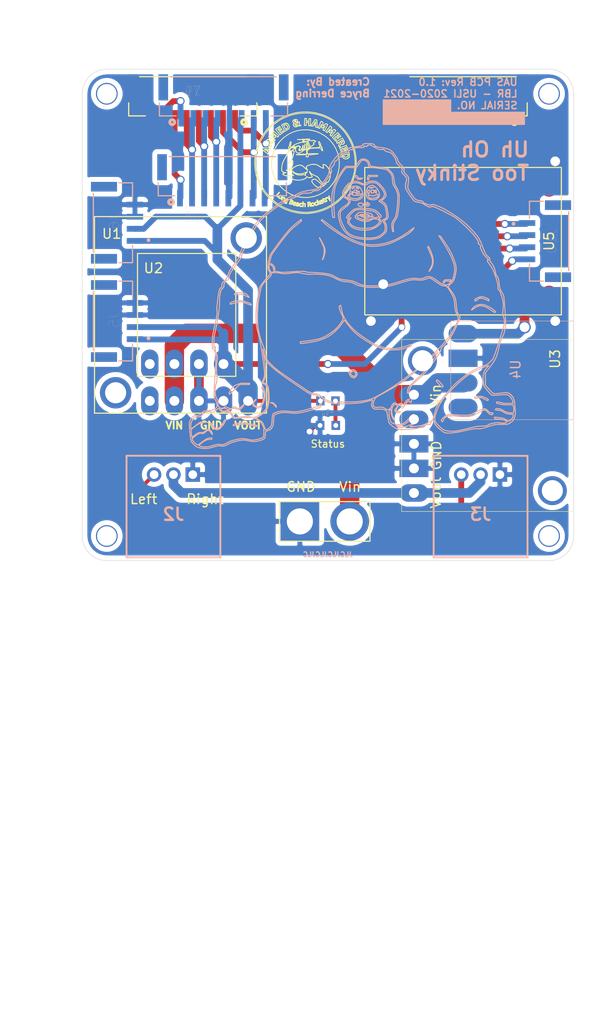
<source format=kicad_pcb>
(kicad_pcb (version 20171130) (host pcbnew "(5.1.9)-1")
  (layers (0 F.Cu signal) (31 B.Cu signal) (34 B.Paste user) (35 F.Paste user) (36 B.SilkS user) (37 F.SilkS user) (38 B.Mask user) (39 F.Mask user) (44 Edge.Cuts user))
  (net 0 "")
  (net 1 GND)
  (net 2 "Net-(D1-Pad2)")
  (net 3 +24V)
  (net 4 "Net-(J4-Pad1)")
  (net 5 "Net-(J4-Pad2)")
  (net 6 "Net-(J4-Pad3)")
  (net 7 "Net-(J4-Pad4)")
  (net 8 "Net-(J4-Pad5)")
  (net 9 "Net-(J4-Pad6)")
  (net 10 "Net-(J4-Pad7)")
  (net 11 +5V)
  (net 12 "Net-(J7-Pad1)")
  (net 13 "Net-(J7-Pad2)")
  (net 14 "Net-(J7-Pad3)")
  (net 15 "Net-(J7-Pad4)")
  (net 16 "Net-(J7-Pad5)")
  (net 17 "Net-(J7-Pad6)")
  (net 18 "Net-(J7-Pad7)")
  (net 19 "Net-(J10-Pad2)")
  (net 20 "Net-(J10-Pad1)")
  (net 21 "Net-(J10-Pad3)")
  (net 22 "Net-(J10-Pad4)")
  (net 23 "Net-(J3-Pad3)")
  (net 24 "Net-(J2-Pad3)")
  (net 25 "Net-(U1-Pad1)")
  (net 26 "Net-(U2-Pad1)")
  (net 27 "Net-(U3-Pad2)")
  (net 28 +7.5V)
  (net 29 +12V)
  (net 30 "Net-(U4-Pad1)")
  (module UAS_V2:Indicator-LED (layer F.Cu) (at 149.86 115.57)
    (fp_text reference D1 (at -0.26 -1.05) (layer F.SilkS) (effects (font (size 0.393701 0.393701) (thickness 0.015))))
    (fp_text value Device_LED)
    (pad 1 thru_hole rect (at -0.814 0) (size 0.89 0.93) (drill 0.5) (layers *.Cu *.Mask) (net 1 GND))
    (pad 2 thru_hole rect (at 0.814 0) (size 0.89 0.93) (drill 0.5) (layers *.Cu *.Mask) (net 2 "Net-(D1-Pad2)"))
  )
  (module UAS_V2:RESC1608X55N (layer F.Cu) (at 149.86 113.03 180)
    (fp_text reference R1 (at -0.21 -1.05) (layer F.SilkS) (effects (font (size 0.393701 0.393701) (thickness 0.015))))
    (fp_text value CR0603-JW-152ELF)
    (pad 2 thru_hole rect (at 0.78 0 180) (size 0.87 0.93) (drill 0.5) (layers *.Cu *.Mask) (net 11 +5V))
    (pad 1 thru_hole rect (at -0.78 0 180) (size 0.87 0.93) (drill 0.5) (layers *.Cu *.Mask) (net 2 "Net-(D1-Pad2)"))
  )
  (module "UAS_V2:JST_SM04B-GHS-TB(LF)(SN)-" (layer B.Cu) (at 172.72 96.52 270)
    (fp_text reference J10 (at 0 -0.254 90) (layer B.SilkS) (effects (font (size 1.001669 1.001669) (thickness 0.015)) (justify mirror)))
    (fp_text value "UAS_SM04B-GHS-TB(LF)(SN)-")
    (pad SH1 smd rect (at -3.725 -0.925 270) (size 1 2.7) (layers B.Cu B.Paste B.Mask))
    (pad 2 smd rect (at -0.625 2.275 270) (size 0.6 1.7) (layers B.Cu B.Paste B.Mask) (net 19 "Net-(J10-Pad2)"))
    (pad 1 smd rect (at -1.875 2.275 270) (size 0.6 1.7) (layers B.Cu B.Paste B.Mask) (net 20 "Net-(J10-Pad1)"))
    (pad 3 smd rect (at 0.625 2.275 270) (size 0.6 1.7) (layers B.Cu B.Paste B.Mask) (net 21 "Net-(J10-Pad3)"))
    (pad 4 smd rect (at 1.875 2.275 270) (size 0.6 1.7) (layers B.Cu B.Paste B.Mask) (net 22 "Net-(J10-Pad4)"))
    (pad SH2 smd rect (at 3.725 -0.925 270) (size 1 2.7) (layers B.Cu B.Paste B.Mask))
  )
  (module "UAS_V2:JST_SM08B-GHS-TB(LF)(SN)" (layer B.Cu) (at 139.065 83.82)
    (fp_text reference J9 (at -3.17962 -2.794) (layer B.SilkS) (effects (font (size 1.001449 1.001449) (thickness 0.015)) (justify mirror)))
    (fp_text value "UAS_SM08B-GHS-TB(LF)(SN)")
    (pad 4 smd rect (at -0.625 0) (size 0.6 1.7) (layers B.Cu B.Paste B.Mask) (net 14 "Net-(J7-Pad3)"))
    (pad 5 smd rect (at 0.625 0) (size 0.6 1.7) (layers B.Cu B.Paste B.Mask) (net 1 GND))
    (pad 6 smd rect (at 1.875 0) (size 0.6 1.7) (layers B.Cu B.Paste B.Mask) (net 11 +5V))
    (pad 7 smd rect (at 3.125 0) (size 0.6 1.7) (layers B.Cu B.Paste B.Mask) (net 13 "Net-(J7-Pad2)"))
    (pad 3 smd rect (at -1.875 0) (size 0.6 1.7) (layers B.Cu B.Paste B.Mask) (net 15 "Net-(J7-Pad4)"))
    (pad 2 smd rect (at -3.125 0) (size 0.6 1.7) (layers B.Cu B.Paste B.Mask) (net 16 "Net-(J7-Pad5)"))
    (pad 1 smd rect (at -4.375 0) (size 0.6 1.7) (layers B.Cu B.Paste B.Mask) (net 18 "Net-(J7-Pad7)"))
    (pad 8 smd rect (at 4.375 0) (size 0.6 1.7) (layers B.Cu B.Paste B.Mask) (net 12 "Net-(J7-Pad1)"))
    (pad SH1 smd rect (at -6.225 -3.2) (size 1 2.7) (layers B.Cu B.Paste B.Mask))
    (pad SH2 smd rect (at 6.225 -3.2) (size 1 2.7) (layers B.Cu B.Paste B.Mask))
  )
  (module "UAS_V2:JST_SM08B-GHS-TB(LF)(SN)" (layer B.Cu) (at 138.94 92.075)
    (fp_text reference J8 (at -3.17962 1.90776) (layer B.SilkS) (effects (font (size 1.001449 1.001449) (thickness 0.015)) (justify mirror)))
    (fp_text value "UAS_SM08B-GHS-TB(LF)(SN)")
    (pad 4 smd rect (at -0.625 0) (size 0.6 1.7) (layers B.Cu B.Paste B.Mask) (net 14 "Net-(J7-Pad3)"))
    (pad 5 smd rect (at 0.625 0) (size 0.6 1.7) (layers B.Cu B.Paste B.Mask) (net 1 GND))
    (pad 6 smd rect (at 1.875 0) (size 0.6 1.7) (layers B.Cu B.Paste B.Mask) (net 11 +5V))
    (pad 7 smd rect (at 3.125 0) (size 0.6 1.7) (layers B.Cu B.Paste B.Mask) (net 13 "Net-(J7-Pad2)"))
    (pad 3 smd rect (at -1.875 0) (size 0.6 1.7) (layers B.Cu B.Paste B.Mask) (net 15 "Net-(J7-Pad4)"))
    (pad 2 smd rect (at -3.125 0) (size 0.6 1.7) (layers B.Cu B.Paste B.Mask) (net 16 "Net-(J7-Pad5)"))
    (pad 1 smd rect (at -4.375 0) (size 0.6 1.7) (layers B.Cu B.Paste B.Mask) (net 17 "Net-(J7-Pad6)"))
    (pad 8 smd rect (at 4.375 0) (size 0.6 1.7) (layers B.Cu B.Paste B.Mask) (net 12 "Net-(J7-Pad1)"))
    (pad SH1 smd rect (at -6.225 -3.2) (size 1 2.7) (layers B.Cu B.Paste B.Mask))
    (pad SH2 smd rect (at 6.225 -3.2) (size 1 2.7) (layers B.Cu B.Paste B.Mask))
  )
  (module UAS_V2:MOLEX_SHDRRA3W50P0X200_1X3_0353630360 (layer B.Cu) (at 167.64 120.65)
    (fp_text reference J3 (at -2 4.1) (layer B.SilkS) (effects (font (size 1.27 1.27) (thickness 0.254)) (justify mirror)))
    (fp_text value UAS_JST-3-pin-Revised-Symbol hide)
    (pad 1 thru_hole rect (at 0 0) (size 1.5 1.5) (drill 0.9) (layers *.Cu *.Mask) (net 1 GND))
    (pad 2 thru_hole circle (at -2 0) (size 1.5 1.5) (drill 0.9) (layers *.Cu *.Mask) (net 28 +7.5V))
    (pad 3 thru_hole circle (at -4 0) (size 1.5 1.5) (drill 0.9) (layers *.Cu *.Mask) (net 23 "Net-(J3-Pad3)"))
  )
  (module UAS_V2:MOLEX_SHDRRA3W50P0X200_1X3_0353630360 (layer B.Cu) (at 135.89 120.65)
    (fp_text reference J2 (at -2 4.1) (layer B.SilkS) (effects (font (size 1.27 1.27) (thickness 0.254)) (justify mirror)))
    (fp_text value UAS_JST-3-pin-Revised-Symbol hide)
    (pad 1 thru_hole rect (at 0 0) (size 1.5 1.5) (drill 0.9) (layers *.Cu *.Mask) (net 1 GND))
    (pad 2 thru_hole circle (at -2 0) (size 1.5 1.5) (drill 0.9) (layers *.Cu *.Mask) (net 28 +7.5V))
    (pad 3 thru_hole circle (at -4 0) (size 1.5 1.5) (drill 0.9) (layers *.Cu *.Mask) (net 24 "Net-(J2-Pad3)"))
  )
  (module UAS_V2:Pololu_TB6612_Dual_Motor_Driver_Carrier_SMT (layer F.Cu) (at 158.75 96.52 90)
    (fp_text reference U5 (at 0 13.97 90) (layer F.SilkS))
    (fp_text value UAS-rescue_TB6612FNG-Dual-Motor-Driver-UAS-cache)
    (pad 16 smd oval (at 6.35 13.97 90) (size 3.5 1.8) (layers F.Cu F.Paste F.Mask) (net 1 GND))
    (pad 15 smd oval (at 6.35 11.43 90) (size 3.5 1.8) (layers F.Cu F.Paste F.Mask) (net 4 "Net-(J4-Pad1)"))
    (pad 14 smd oval (at 6.35 8.89 90) (size 3.5 1.8) (layers F.Cu F.Paste F.Mask) (net 5 "Net-(J4-Pad2)"))
    (pad 13 smd oval (at 6.35 6.35 90) (size 3.5 1.8) (layers F.Cu F.Paste F.Mask) (net 6 "Net-(J4-Pad3)"))
    (pad 12 smd oval (at 6.35 3.81 90) (size 3.5 1.8) (layers F.Cu F.Paste F.Mask) (net 7 "Net-(J4-Pad4)"))
    (pad 11 smd oval (at 6.35 1.27 90) (size 3.5 1.8) (layers F.Cu F.Paste F.Mask) (net 8 "Net-(J4-Pad5)"))
    (pad 10 smd oval (at 6.35 -1.27 90) (size 3.5 1.8) (layers F.Cu F.Paste F.Mask) (net 9 "Net-(J4-Pad6)"))
    (pad 9 smd oval (at 6.35 -3.81 90) (size 3.5 1.8) (layers F.Cu F.Paste F.Mask) (net 10 "Net-(J4-Pad7)"))
    (pad 8 smd oval (at -6.35 13.97 90) (size 3.5 1.8) (layers F.Cu F.Paste F.Mask) (net 1 GND))
    (pad 7 smd oval (at -6.35 11.43 90) (size 3.5 1.8) (layers F.Cu F.Paste F.Mask) (net 29 +12V))
    (pad 6 smd oval (at -6.35 8.89 90) (size 3.5 1.8) (layers F.Cu F.Paste F.Mask) (net 22 "Net-(J10-Pad4)"))
    (pad 5 smd oval (at -6.35 6.35 90) (size 3.5 1.8) (layers F.Cu F.Paste F.Mask) (net 21 "Net-(J10-Pad3)"))
    (pad 4 smd oval (at -6.35 3.81 90) (size 3.5 1.8) (layers F.Cu F.Paste F.Mask) (net 19 "Net-(J10-Pad2)"))
    (pad 3 smd oval (at -6.35 1.27 90) (size 3.5 1.8) (layers F.Cu F.Paste F.Mask) (net 20 "Net-(J10-Pad1)"))
    (pad 2 smd oval (at -6.35 -1.27 90) (size 3.5 1.8) (layers F.Cu F.Paste F.Mask) (net 11 +5V))
    (pad 1 smd oval (at -6.35 -3.81 90) (size 3.5 1.8) (layers F.Cu F.Paste F.Mask) (net 1 GND))
  )
  (module UAS_V2:Pololu_12V_Step_Down_Regulator (layer B.Cu) (at 175.26 104.775 90)
    (fp_text reference U4 (at -5 -6 90) (layer B.SilkS) (effects (justify mirror)))
    (fp_text value 12V_500mA_Step_Up)
    (pad 4 smd oval (at -1.31 -11.43 90) (size 1.8 3) (layers B.Cu B.Paste B.Mask) (net 29 +12V))
    (pad 3 smd rect (at -3.85 -11.43 90) (size 1.8 3) (layers B.Cu B.Paste B.Mask) (net 1 GND))
    (pad 2 smd oval (at -6.39 -11.43 90) (size 1.8 3) (layers B.Cu B.Paste B.Mask) (net 3 +24V))
    (pad 1 smd oval (at -8.93 -11.43 90) (size 1.8 3) (layers B.Cu B.Paste B.Mask) (net 30 "Net-(U4-Pad1)"))
  )
  (module "UAS_V2:JST_SM08B-GHS-TB(LF)(SN)" (layer F.Cu) (at 135.89 83.82 180)
    (fp_text reference J7 (at 0 2.794) (layer F.SilkS) (effects (font (size 1.001449 1.001449) (thickness 0.015))))
    (fp_text value "UAS_SM07B-GHS-TB(LF)(SN)")
    (pad 4 smd rect (at -0.625 0 180) (size 0.6 1.7) (layers F.Cu F.Paste F.Mask) (net 15 "Net-(J7-Pad4)"))
    (pad 5 smd rect (at 0.625 0 180) (size 0.6 1.7) (layers F.Cu F.Paste F.Mask) (net 16 "Net-(J7-Pad5)"))
    (pad 6 smd rect (at 1.875 0 180) (size 0.6 1.7) (layers F.Cu F.Paste F.Mask) (net 17 "Net-(J7-Pad6)"))
    (pad 7 smd rect (at 3.125 0 180) (size 0.6 1.7) (layers F.Cu F.Paste F.Mask) (net 18 "Net-(J7-Pad7)"))
    (pad 3 smd rect (at -1.875 0 180) (size 0.6 1.7) (layers F.Cu F.Paste F.Mask) (net 14 "Net-(J7-Pad3)"))
    (pad 2 smd rect (at -3.125 0 180) (size 0.6 1.7) (layers F.Cu F.Paste F.Mask) (net 13 "Net-(J7-Pad2)"))
    (pad 1 smd rect (at -4.375 0 180) (size 0.6 1.7) (layers F.Cu F.Paste F.Mask) (net 12 "Net-(J7-Pad1)"))
    (pad 8 smd rect (at 4.375 0 180) (size 0.6 1.7) (layers F.Cu F.Paste F.Mask))
    (pad SH1 smd rect (at -6.225 3.2 180) (size 1 2.7) (layers F.Cu F.Paste F.Mask))
    (pad SH2 smd rect (at 6.225 3.2 180) (size 1 2.7) (layers F.Cu F.Paste F.Mask))
  )
  (module "UAS_V2:JST_SM08B-GHS-TB(LF)(SN)" (layer F.Cu) (at 163.83 83.82 180)
    (fp_text reference J4 (at 0 2.794) (layer F.SilkS) (effects (font (size 1.001449 1.001449) (thickness 0.015))))
    (fp_text value "UAS_SM07B-GHS-TB(LF)(SN)")
    (pad 4 smd rect (at -0.625 0 180) (size 0.6 1.7) (layers F.Cu F.Paste F.Mask) (net 7 "Net-(J4-Pad4)"))
    (pad 5 smd rect (at 0.625 0 180) (size 0.6 1.7) (layers F.Cu F.Paste F.Mask) (net 8 "Net-(J4-Pad5)"))
    (pad 6 smd rect (at 1.875 0 180) (size 0.6 1.7) (layers F.Cu F.Paste F.Mask) (net 9 "Net-(J4-Pad6)"))
    (pad 7 smd rect (at 3.125 0 180) (size 0.6 1.7) (layers F.Cu F.Paste F.Mask) (net 10 "Net-(J4-Pad7)"))
    (pad 3 smd rect (at -1.875 0 180) (size 0.6 1.7) (layers F.Cu F.Paste F.Mask) (net 6 "Net-(J4-Pad3)"))
    (pad 2 smd rect (at -3.125 0 180) (size 0.6 1.7) (layers F.Cu F.Paste F.Mask) (net 5 "Net-(J4-Pad2)"))
    (pad 1 smd rect (at -4.375 0 180) (size 0.6 1.7) (layers F.Cu F.Paste F.Mask) (net 4 "Net-(J4-Pad1)"))
    (pad 8 smd rect (at 4.375 0 180) (size 0.6 1.7) (layers F.Cu F.Paste F.Mask))
    (pad SH1 smd rect (at -6.225 3.2 180) (size 1 2.7) (layers F.Cu F.Paste F.Mask))
    (pad SH2 smd rect (at 6.225 3.2 180) (size 1 2.7) (layers F.Cu F.Paste F.Mask))
  )
  (module "UAS_V2:Pololu_7.75V_2.5A_Step_Down_Regulator(old)" (layer F.Cu) (at 157.48 106.68 270)
    (fp_text reference U3 (at 2.02 -15.87 90) (layer F.SilkS))
    (fp_text value "7.5V-2.5A-Step-Down(old)")
    (fp_text user Vout (at 15.84 -3.54 90) (layer F.SilkS))
    (fp_text user GND (at 11.99 -3.59 90) (layer F.SilkS))
    (fp_text user Vin (at 5.74 -3.54 90) (layer F.SilkS))
    (pad 6 thru_hole circle (at 15.63 -15.58 270) (size 3 3) (drill 2.18) (layers *.Cu *.Mask))
    (pad 7 thru_hole circle (at 2.2 -2.15 270) (size 3 3) (drill 2.18) (layers *.Cu *.Mask))
    (pad 1 thru_hole oval (at 5.71 -1.27 270) (size 1.8 3) (drill 1.02) (layers *.Cu *.Mask) (net 3 +24V))
    (pad 2 thru_hole oval (at 8.25 -1.27 270) (size 1.8 3) (drill 1.02) (layers *.Cu *.Mask) (net 27 "Net-(U3-Pad2)"))
    (pad 3 thru_hole rect (at 10.79 -1.27 270) (size 1.8 3) (drill 1.02) (layers *.Cu *.Mask) (net 1 GND))
    (pad 4 thru_hole rect (at 13.33 -1.27 270) (size 1.8 3) (drill 1.02) (layers *.Cu *.Mask) (net 1 GND))
    (pad 5 thru_hole oval (at 15.87 -1.27 270) (size 1.8 3) (drill 1.02) (layers *.Cu *.Mask) (net 28 +7.5V))
  )
  (module UAS_V2:Pololu_5V_500mA_Step_Down_Regulator (layer F.Cu) (at 135.255 104.14)
    (fp_text reference U2 (at -3.429 -4.826) (layer F.SilkS))
    (fp_text value UAS-rescue_500mA-5V-Converter-UAS-cache)
    (pad 4 thru_hole oval (at 3.81 5.08) (size 1.8 3) (drill 1.02) (layers *.Cu *.Mask) (net 11 +5V))
    (pad 3 thru_hole oval (at 1.27 5.08) (size 1.8 3) (drill 1.02) (layers *.Cu *.Mask) (net 1 GND))
    (pad 2 thru_hole oval (at -1.27 5.08) (size 1.8 3) (drill 1.02) (layers *.Cu *.Mask) (net 3 +24V))
    (pad 1 thru_hole oval (at -3.81 5.08) (size 1.8 3) (drill 1.02) (layers *.Cu *.Mask) (net 26 "Net-(U2-Pad1)"))
  )
  (module UAS_V2:Pololu_5V_5A_Step_Down_Regulator (layer F.Cu) (at 133.985 104.14)
    (fp_text reference U1 (at -6.477 -8.382) (layer F.SilkS))
    (fp_text value UAS-rescue_5A-5V-Converter-UAS-cache)
    (pad 7 thru_hole circle (at -6.07 8.05) (size 3.25 3.25) (drill 2.18) (layers *.Cu *.Mask))
    (pad 6 thru_hole circle (at 7.43 -7.95) (size 3.25 3.25) (drill 2.18) (layers *.Cu *.Mask))
    (pad 5 thru_hole oval (at 7.62 8.89) (size 1.8 3) (drill 1.02) (layers *.Cu *.Mask) (net 11 +5V))
    (pad 4 thru_hole oval (at 5.08 8.89) (size 1.8 3) (drill 1.02) (layers *.Cu *.Mask) (net 1 GND))
    (pad 3 thru_hole oval (at 2.54 8.89) (size 1.8 3) (drill 1.02) (layers *.Cu *.Mask) (net 1 GND))
    (pad 2 thru_hole oval (at 0 8.89) (size 1.8 3) (drill 1.02) (layers *.Cu *.Mask) (net 3 +24V))
    (pad 1 thru_hole oval (at -2.54 8.89) (size 1.8 3) (drill 1.02) (layers *.Cu *.Mask) (net 25 "Net-(U1-Pad1)"))
  )
  (module UAS_V2:Individual_Solder_Pad (layer F.Cu) (at 130.81 126.365)
    (fp_text reference Left (at 0 -3.175) (layer F.SilkS))
    (fp_text value UAS-rescue_Signal-Pad-UAS-cache)
    (pad 1 smd rect (at 0 0) (size 1.5 3) (layers F.Cu F.Paste F.Mask) (net 24 "Net-(J2-Pad3)"))
  )
  (module UAS_V2:Individual_Solder_Pad (layer F.Cu) (at 137.16 126.365)
    (fp_text reference Right (at 0 -3.175) (layer F.SilkS))
    (fp_text value UAS-rescue_Signal-Pad-UAS-cache)
    (pad 1 smd rect (at 0 0) (size 1.5 3) (layers F.Cu F.Paste F.Mask) (net 23 "Net-(J3-Pad3)"))
  )
  (module "UAS_V2:JST_SM04B-GHS-TB(LF)(SN)-" (layer B.Cu) (at 127.635 94.615 90)
    (fp_text reference J6 (at 0.127 0.127 90) (layer B.SilkS) (effects (font (size 1.001669 1.001669) (thickness 0.015)) (justify mirror)))
    (fp_text value "UAS_SM04B-GHS-TB(LF)(SN)-")
    (pad SH1 smd rect (at -3.725 -0.925 90) (size 1 2.7) (layers B.Cu B.Paste B.Mask))
    (pad 2 smd rect (at -0.625 2.275 90) (size 0.6 1.7) (layers B.Cu B.Paste B.Mask) (net 11 +5V))
    (pad 1 smd rect (at -1.875 2.275 90) (size 0.6 1.7) (layers B.Cu B.Paste B.Mask) (net 11 +5V))
    (pad 3 smd rect (at 0.625 2.275 90) (size 0.6 1.7) (layers B.Cu B.Paste B.Mask) (net 1 GND))
    (pad 4 smd rect (at 1.875 2.275 90) (size 0.6 1.7) (layers B.Cu B.Paste B.Mask) (net 1 GND))
    (pad SH2 smd rect (at 3.725 -0.925 90) (size 1 2.7) (layers B.Cu B.Paste B.Mask))
  )
  (module "UAS_V2:JST_SM04B-GHS-TB(LF)(SN)-" (layer B.Cu) (at 127.635 104.775 90)
    (fp_text reference J5 (at 0.127 0.127 90) (layer B.SilkS) (effects (font (size 1.001669 1.001669) (thickness 0.015)) (justify mirror)))
    (fp_text value "UAS_SM04B-GHS-TB(LF)(SN)-")
    (pad SH1 smd rect (at -3.725 -0.925 90) (size 1 2.7) (layers B.Cu B.Paste B.Mask))
    (pad 2 smd rect (at -0.625 2.275 90) (size 0.6 1.7) (layers B.Cu B.Paste B.Mask) (net 11 +5V))
    (pad 1 smd rect (at -1.875 2.275 90) (size 0.6 1.7) (layers B.Cu B.Paste B.Mask) (net 11 +5V))
    (pad 3 smd rect (at 0.625 2.275 90) (size 0.6 1.7) (layers B.Cu B.Paste B.Mask) (net 1 GND))
    (pad 4 smd rect (at 1.875 2.275 90) (size 0.6 1.7) (layers B.Cu B.Paste B.Mask) (net 1 GND))
    (pad SH2 smd rect (at 3.725 -0.925 90) (size 1 2.7) (layers B.Cu B.Paste B.Mask))
  )
  (module UAS_V2:UAS_PCB_PWR_IN_PTOS (layer F.Cu) (at 149.86 129.54)
    (fp_text reference J1 hide)
    (fp_text value UAS_PWR_IN)
    (pad 2 thru_hole circle (at 2.25 -4.05) (size 4 4) (drill 2.7) (layers *.Cu *.Mask) (net 3 +24V))
    (pad 1 thru_hole rect (at -2.9 -4.05) (size 4 4) (drill 2.7) (layers *.Cu *.Mask) (net 1 GND))
  )
  (module SquantorLabels:Label_version (layer F.Cu) (at 148 105)
    (fp_text reference N2 hide)
    (fp_text value V20180719 hide)
  )
  (gr_text VOUT (at 141.605 115.57) (layer F.SilkS) (effects (font (size 0.75 0.75) (thickness 0.1875))))
  (gr_text VIN (at 133.985 115.57) (layer F.SilkS) (effects (font (size 0.75 0.75) (thickness 0.1875))))
  (gr_text GND (at 137.795 115.57) (layer F.SilkS) (effects (font (size 0.75 0.75) (thickness 0.1875))))
  (gr_line (start 143.525881 86.31367) (end 143.529352 86.306037) (layer F.SilkS) (width 0.0825))
  (gr_line (start 143.652751 86.432524) (end 143.642504 86.42736) (layer F.SilkS) (width 0.0825))
  (gr_line (start 143.582932 86.226147) (end 143.586377 86.223397) (layer F.SilkS) (width 0.0825))
  (gr_line (start 143.579588 86.229045) (end 143.582932 86.226147) (layer F.SilkS) (width 0.0825))
  (gr_line (start 143.570171 86.238474) (end 143.573206 86.235222) (layer F.SilkS) (width 0.0825))
  (gr_line (start 143.52632 86.363289) (end 143.518645 86.358539) (layer F.SilkS) (width 0.0825))
  (gr_line (start 143.515069 86.340019) (end 143.51721 86.334325) (layer F.SilkS) (width 0.0825))
  (gr_line (start 143.512216 86.34882) (end 143.513388 86.344895) (layer F.SilkS) (width 0.0825))
  (gr_line (start 143.574667 86.39096) (end 143.560795 86.383214) (layer F.SilkS) (width 0.0825))
  (gr_line (start 143.536191 86.369143) (end 143.52632 86.363289) (layer F.SilkS) (width 0.0825))
  (gr_line (start 143.576345 86.232074) (end 143.579588 86.229045) (layer F.SilkS) (width 0.0825))
  (gr_line (start 143.567242 86.241815) (end 143.570171 86.238474) (layer F.SilkS) (width 0.0825))
  (gr_line (start 143.561704 86.248709) (end 143.564419 86.245231) (layer F.SilkS) (width 0.0825))
  (gr_line (start 143.559098 86.252232) (end 143.561704 86.248709) (layer F.SilkS) (width 0.0825))
  (gr_line (start 143.718245 86.366833) (end 143.713912 86.374458) (layer F.SilkS) (width 0.0825))
  (gr_line (start 143.725925 86.352377) (end 143.722277 86.359432) (layer F.SilkS) (width 0.0825))
  (gr_line (start 143.556603 86.255787) (end 143.559098 86.252232) (layer F.SilkS) (width 0.0825))
  (gr_line (start 143.53303 86.298251) (end 143.536864 86.290446) (layer F.SilkS) (width 0.0825))
  (gr_line (start 143.729103 86.345787) (end 143.725925 86.352377) (layer F.SilkS) (width 0.0825))
  (gr_line (start 143.548795 86.268246) (end 143.552747 86.261694) (layer F.SilkS) (width 0.0825))
  (gr_line (start 143.560795 86.383214) (end 143.547826 86.375863) (layer F.SilkS) (width 0.0825))
  (gr_line (start 143.731612 86.339646) (end 143.730424 86.342746) (layer F.SilkS) (width 0.0825))
  (gr_line (start 143.513595 86.355126) (end 143.511603 86.353287) (layer F.SilkS) (width 0.0825))
  (gr_line (start 143.699949 86.397473) (end 143.695254 86.404789) (layer F.SilkS) (width 0.0825))
  (gr_line (start 143.67527 86.433271) (end 143.672561 86.436503) (layer F.SilkS) (width 0.0825))
  (gr_line (start 143.68631 86.418163) (end 143.682229 86.42398) (layer F.SilkS) (width 0.0825))
  (gr_line (start 143.670477 86.438632) (end 143.669103 86.439537) (layer F.SilkS) (width 0.0825))
  (gr_line (start 143.722277 86.359432) (end 143.718245 86.366833) (layer F.SilkS) (width 0.0825))
  (gr_line (start 143.603399 86.406693) (end 143.589012 86.398865) (layer F.SilkS) (width 0.0825))
  (gr_line (start 143.544797 86.275311) (end 143.548795 86.268246) (layer F.SilkS) (width 0.0825))
  (gr_line (start 143.511604 86.351662) (end 143.512216 86.34882) (layer F.SilkS) (width 0.0825))
  (gr_line (start 143.695254 86.404789) (end 143.69068 86.411726) (layer F.SilkS) (width 0.0825))
  (gr_line (start 143.682229 86.42398) (end 143.678521 86.429056) (layer F.SilkS) (width 0.0825))
  (gr_line (start 143.630575 86.421177) (end 143.617397 86.414209) (layer F.SilkS) (width 0.0825))
  (gr_line (start 143.69068 86.411726) (end 143.68631 86.418163) (layer F.SilkS) (width 0.0825))
  (gr_line (start 143.669103 86.439537) (end 143.666481 86.438849) (layer F.SilkS) (width 0.0825))
  (gr_line (start 143.536864 86.290446) (end 143.540803 86.282755) (layer F.SilkS) (width 0.0825))
  (gr_line (start 143.660887 86.436432) (end 143.652751 86.432524) (layer F.SilkS) (width 0.0825))
  (gr_line (start 143.511603 86.353287) (end 143.511604 86.351662) (layer F.SilkS) (width 0.0825))
  (gr_line (start 143.522666 86.321018) (end 143.525881 86.31367) (layer F.SilkS) (width 0.0825))
  (gr_line (start 143.666481 86.438849) (end 143.660887 86.436432) (layer F.SilkS) (width 0.0825))
  (gr_line (start 143.529352 86.306037) (end 143.53303 86.298251) (layer F.SilkS) (width 0.0825))
  (gr_line (start 143.547826 86.375863) (end 143.536191 86.369143) (layer F.SilkS) (width 0.0825))
  (gr_line (start 143.713912 86.374458) (end 143.709362 86.382186) (layer F.SilkS) (width 0.0825))
  (gr_line (start 143.564419 86.245231) (end 143.567242 86.241815) (layer F.SilkS) (width 0.0825))
  (gr_line (start 143.672561 86.436503) (end 143.670477 86.438632) (layer F.SilkS) (width 0.0825))
  (gr_line (start 143.519759 86.327947) (end 143.522666 86.321018) (layer F.SilkS) (width 0.0825))
  (gr_line (start 143.709362 86.382186) (end 143.704679 86.389898) (layer F.SilkS) (width 0.0825))
  (gr_line (start 143.552747 86.261694) (end 143.556603 86.255787) (layer F.SilkS) (width 0.0825))
  (gr_line (start 143.51721 86.334325) (end 143.519759 86.327947) (layer F.SilkS) (width 0.0825))
  (gr_line (start 143.518645 86.358539) (end 143.513595 86.355126) (layer F.SilkS) (width 0.0825))
  (gr_line (start 143.642504 86.42736) (end 143.630575 86.421177) (layer F.SilkS) (width 0.0825))
  (gr_line (start 143.678521 86.429056) (end 143.67527 86.433271) (layer F.SilkS) (width 0.0825))
  (gr_line (start 143.730424 86.342746) (end 143.729103 86.345787) (layer F.SilkS) (width 0.0825))
  (gr_line (start 143.593566 86.218395) (end 143.597307 86.216172) (layer F.SilkS) (width 0.0825))
  (gr_line (start 143.540803 86.282755) (end 143.544797 86.275311) (layer F.SilkS) (width 0.0825))
  (gr_line (start 143.573206 86.235222) (end 143.576345 86.232074) (layer F.SilkS) (width 0.0825))
  (gr_line (start 143.589012 86.398865) (end 143.574667 86.39096) (layer F.SilkS) (width 0.0825))
  (gr_line (start 143.617397 86.414209) (end 143.603399 86.406693) (layer F.SilkS) (width 0.0825))
  (gr_line (start 143.704679 86.389898) (end 143.699949 86.397473) (layer F.SilkS) (width 0.0825))
  (gr_line (start 143.589922 86.220809) (end 143.593566 86.218395) (layer F.SilkS) (width 0.0825))
  (gr_line (start 143.586377 86.223397) (end 143.589922 86.220809) (layer F.SilkS) (width 0.0825))
  (gr_line (start 143.513388 86.344895) (end 143.515069 86.340019) (layer F.SilkS) (width 0.0825))
  (gr_line (start 143.63719 86.206329) (end 143.641333 86.206478) (layer F.SilkS) (width 0.0825))
  (gr_line (start 143.700391 86.231183) (end 143.705453 86.235243) (layer F.SilkS) (width 0.0825))
  (gr_line (start 143.661591 86.210101) (end 143.665449 86.211393) (layer F.SilkS) (width 0.0825))
  (gr_line (start 143.653639 86.208081) (end 143.65765 86.208996) (layer F.SilkS) (width 0.0825))
  (gr_line (start 143.63305 86.206374) (end 143.63719 86.206329) (layer F.SilkS) (width 0.0825))
  (gr_line (start 147.573874 86.194351) (end 147.575249 86.190434) (layer F.SilkS) (width 0.0825))
  (gr_line (start 147.572488 86.199777) (end 147.573874 86.194351) (layer F.SilkS) (width 0.0825))
  (gr_line (start 143.649572 86.207355) (end 143.653639 86.208081) (layer F.SilkS) (width 0.0825))
  (gr_line (start 143.616818 86.20852) (end 143.620797 86.207687) (layer F.SilkS) (width 0.0825))
  (gr_line (start 147.5711 86.206453) (end 147.572488 86.199777) (layer F.SilkS) (width 0.0825))
  (gr_line (start 143.641333 86.206478) (end 143.645466 86.206821) (layer F.SilkS) (width 0.0825))
  (gr_line (start 143.732671 86.336492) (end 143.731612 86.339646) (layer F.SilkS) (width 0.0825))
  (gr_line (start 143.733606 86.33329) (end 143.732671 86.336492) (layer F.SilkS) (width 0.0825))
  (gr_line (start 143.736181 86.320125) (end 143.735704 86.323458) (layer F.SilkS) (width 0.0825))
  (gr_line (start 143.73709 86.303299) (end 143.737092 86.306666) (layer F.SilkS) (width 0.0825))
  (gr_line (start 143.620797 86.207687) (end 143.624839 86.207052) (layer F.SilkS) (width 0.0825))
  (gr_line (start 147.558503 86.288118) (end 147.559269 86.284832) (layer F.SilkS) (width 0.0825))
  (gr_line (start 143.678528 86.217425) (end 143.684158 86.220519) (layer F.SilkS) (width 0.0825))
  (gr_line (start 143.609103 86.210787) (end 143.612914 86.209554) (layer F.SilkS) (width 0.0825))
  (gr_line (start 143.73442 86.330047) (end 143.733606 86.33329) (layer F.SilkS) (width 0.0825))
  (gr_line (start 143.735118 86.326768) (end 143.73442 86.330047) (layer F.SilkS) (width 0.0825))
  (gr_line (start 143.732057 86.27216) (end 143.734132 86.278812) (layer F.SilkS) (width 0.0825))
  (gr_line (start 143.645466 86.206821) (end 143.649572 86.207355) (layer F.SilkS) (width 0.0825))
  (gr_line (start 143.735704 86.323458) (end 143.735118 86.326768) (layer F.SilkS) (width 0.0825))
  (gr_line (start 143.736554 86.316773) (end 143.736181 86.320125) (layer F.SilkS) (width 0.0825))
  (gr_line (start 143.736828 86.313408) (end 143.736554 86.316773) (layer F.SilkS) (width 0.0825))
  (gr_line (start 147.56014 86.279939) (end 147.561105 86.2737) (layer F.SilkS) (width 0.0825))
  (gr_line (start 143.665449 86.211393) (end 143.669207 86.212873) (layer F.SilkS) (width 0.0825))
  (gr_line (start 143.628928 86.206615) (end 143.63305 86.206374) (layer F.SilkS) (width 0.0825))
  (gr_line (start 147.557157 86.289908) (end 147.557853 86.289537) (layer F.SilkS) (width 0.0825))
  (gr_line (start 143.73566 86.28585) (end 143.736603 86.293287) (layer F.SilkS) (width 0.0825))
  (gr_line (start 143.737006 86.310037) (end 143.736828 86.313408) (layer F.SilkS) (width 0.0825))
  (gr_line (start 143.736603 86.293287) (end 143.736842 86.296604) (layer F.SilkS) (width 0.0825))
  (gr_line (start 143.734132 86.278812) (end 143.73566 86.28585) (layer F.SilkS) (width 0.0825))
  (gr_line (start 143.729473 86.26588) (end 143.732057 86.27216) (layer F.SilkS) (width 0.0825))
  (gr_line (start 143.719057 86.249135) (end 143.722934 86.254381) (layer F.SilkS) (width 0.0825))
  (gr_line (start 143.705453 86.235243) (end 143.710278 86.23958) (layer F.SilkS) (width 0.0825))
  (gr_line (start 143.714825 86.244206) (end 143.719057 86.249135) (layer F.SilkS) (width 0.0825))
  (gr_line (start 143.710278 86.23958) (end 143.714825 86.244206) (layer F.SilkS) (width 0.0825))
  (gr_line (start 143.689705 86.223835) (end 143.695128 86.227385) (layer F.SilkS) (width 0.0825))
  (gr_line (start 147.557853 86.289537) (end 147.558503 86.288118) (layer F.SilkS) (width 0.0825))
  (gr_line (start 143.672853 86.214537) (end 143.678528 86.217425) (layer F.SilkS) (width 0.0825))
  (gr_line (start 143.65765 86.208996) (end 143.661591 86.210101) (layer F.SilkS) (width 0.0825))
  (gr_line (start 147.563284 86.258218) (end 147.564478 86.249495) (layer F.SilkS) (width 0.0825))
  (gr_line (start 147.575249 86.190434) (end 147.576603 86.188287) (layer F.SilkS) (width 0.0825))
  (gr_line (start 143.624839 86.207052) (end 143.628928 86.206615) (layer F.SilkS) (width 0.0825))
  (gr_line (start 147.569721 86.21412) (end 147.5711 86.206453) (layer F.SilkS) (width 0.0825))
  (gr_line (start 147.562157 86.266373) (end 147.563284 86.258218) (layer F.SilkS) (width 0.0825))
  (gr_line (start 147.561105 86.2737) (end 147.562157 86.266373) (layer F.SilkS) (width 0.0825))
  (gr_line (start 147.55627 86.290217) (end 147.557157 86.289908) (layer F.SilkS) (width 0.0825))
  (gr_line (start 143.737092 86.306666) (end 143.737006 86.310037) (layer F.SilkS) (width 0.0825))
  (gr_line (start 143.737006 86.299943) (end 143.73709 86.303299) (layer F.SilkS) (width 0.0825))
  (gr_line (start 147.565728 86.240464) (end 147.567025 86.231385) (layer F.SilkS) (width 0.0825))
  (gr_line (start 143.736842 86.296604) (end 143.737006 86.299943) (layer F.SilkS) (width 0.0825))
  (gr_line (start 147.564478 86.249495) (end 147.565728 86.240464) (layer F.SilkS) (width 0.0825))
  (gr_line (start 143.726419 86.259958) (end 143.729473 86.26588) (layer F.SilkS) (width 0.0825))
  (gr_line (start 143.695128 86.227385) (end 143.700391 86.231183) (layer F.SilkS) (width 0.0825))
  (gr_line (start 143.612914 86.209554) (end 143.616818 86.20852) (layer F.SilkS) (width 0.0825))
  (gr_line (start 143.684158 86.220519) (end 143.689705 86.223835) (layer F.SilkS) (width 0.0825))
  (gr_line (start 147.567025 86.231385) (end 147.568359 86.222517) (layer F.SilkS) (width 0.0825))
  (gr_line (start 147.559269 86.284832) (end 147.56014 86.279939) (layer F.SilkS) (width 0.0825))
  (gr_line (start 143.669207 86.212873) (end 143.672853 86.214537) (layer F.SilkS) (width 0.0825))
  (gr_line (start 143.722934 86.254381) (end 143.726419 86.259958) (layer F.SilkS) (width 0.0825))
  (gr_line (start 147.568359 86.222517) (end 147.569721 86.21412) (layer F.SilkS) (width 0.0825))
  (gr_line (start 147.526966 86.238651) (end 147.530217 86.242972) (layer F.SilkS) (width 0.0825))
  (gr_line (start 147.538409 86.274662) (end 147.538051 86.276643) (layer F.SilkS) (width 0.0825))
  (gr_line (start 147.540472 86.259123) (end 147.540715 86.260917) (layer F.SilkS) (width 0.0825))
  (gr_line (start 147.539103 86.255787) (end 147.539949 86.257409) (layer F.SilkS) (width 0.0825))
  (gr_line (start 147.523596 86.234364) (end 147.526966 86.238651) (layer F.SilkS) (width 0.0825))
  (gr_line (start 147.494101 86.205525) (end 147.497896 86.208271) (layer F.SilkS) (width 0.0825))
  (gr_line (start 147.490318 86.203131) (end 147.494101 86.205525) (layer F.SilkS) (width 0.0825))
  (gr_line (start 147.5363 86.251575) (end 147.539103 86.255787) (layer F.SilkS) (width 0.0825))
  (gr_line (start 147.509215 86.218262) (end 147.512916 86.22206) (layer F.SilkS) (width 0.0825))
  (gr_line (start 147.486564 86.201123) (end 147.490318 86.203131) (layer F.SilkS) (width 0.0825))
  (gr_line (start 147.530217 86.242972) (end 147.533333 86.247292) (layer F.SilkS) (width 0.0825))
  (gr_line (start 147.555218 86.290461) (end 147.55627 86.290217) (layer F.SilkS) (width 0.0825))
  (gr_line (start 147.55403 86.290634) (end 147.555218 86.290461) (layer F.SilkS) (width 0.0825))
  (gr_line (start 147.552732 86.290735) (end 147.55403 86.290634) (layer F.SilkS) (width 0.0825))
  (gr_line (start 147.548457 86.290551) (end 147.549918 86.290697) (layer F.SilkS) (width 0.0825))
  (gr_line (start 147.512916 86.22206) (end 147.516557 86.226033) (layer F.SilkS) (width 0.0825))
  (gr_line (start 147.412434 86.201166) (end 147.419997 86.200145) (layer F.SilkS) (width 0.0825))
  (gr_line (start 147.540223 86.266656) (end 147.539802 86.268645) (layer F.SilkS) (width 0.0825))
  (gr_line (start 147.501691 86.211332) (end 147.505468 86.214674) (layer F.SilkS) (width 0.0825))
  (gr_line (start 147.551352 86.290757) (end 147.552732 86.290735) (layer F.SilkS) (width 0.0825))
  (gr_line (start 147.384805 86.208458) (end 147.385353 86.207037) (layer F.SilkS) (width 0.0825))
  (gr_line (start 147.540668 86.287636) (end 147.541712 86.288385) (layer F.SilkS) (width 0.0825))
  (gr_line (start 147.533333 86.247292) (end 147.5363 86.251575) (layer F.SilkS) (width 0.0825))
  (gr_line (start 147.544189 86.289556) (end 147.545565 86.289985) (layer F.SilkS) (width 0.0825))
  (gr_line (start 147.540715 86.260917) (end 147.540724 86.262779) (layer F.SilkS) (width 0.0825))
  (gr_line (start 147.427939 86.199212) (end 147.436073 86.198407) (layer F.SilkS) (width 0.0825))
  (gr_line (start 147.386762 86.206281) (end 147.38966 86.205384) (layer F.SilkS) (width 0.0825))
  (gr_line (start 147.38966 86.205384) (end 147.393861 86.204386) (layer F.SilkS) (width 0.0825))
  (gr_line (start 147.520122 86.230146) (end 147.523596 86.234364) (layer F.SilkS) (width 0.0825))
  (gr_line (start 147.39918 86.203326) (end 147.405433 86.20224) (layer F.SilkS) (width 0.0825))
  (gr_line (start 147.542895 86.289024) (end 147.544189 86.289556) (layer F.SilkS) (width 0.0825))
  (gr_line (start 147.541712 86.288385) (end 147.542895 86.289024) (layer F.SilkS) (width 0.0825))
  (gr_line (start 147.385353 86.207037) (end 147.386762 86.206281) (layer F.SilkS) (width 0.0825))
  (gr_line (start 147.539789 86.286771) (end 147.540668 86.287636) (layer F.SilkS) (width 0.0825))
  (gr_line (start 147.537932 86.282332) (end 147.538362 86.284102) (layer F.SilkS) (width 0.0825))
  (gr_line (start 147.538051 86.276643) (end 147.537822 86.27859) (layer F.SilkS) (width 0.0825))
  (gr_line (start 147.384367 86.211272) (end 147.384805 86.208458) (layer F.SilkS) (width 0.0825))
  (gr_line (start 147.537767 86.280491) (end 147.537932 86.282332) (layer F.SilkS) (width 0.0825))
  (gr_line (start 147.537822 86.27859) (end 147.537767 86.280491) (layer F.SilkS) (width 0.0825))
  (gr_line (start 147.53933 86.27065) (end 147.53885 86.272661) (layer F.SilkS) (width 0.0825))
  (gr_line (start 147.405433 86.20224) (end 147.412434 86.201166) (layer F.SilkS) (width 0.0825))
  (gr_line (start 147.540545 86.264696) (end 147.540223 86.266656) (layer F.SilkS) (width 0.0825))
  (gr_line (start 147.539949 86.257409) (end 147.540472 86.259123) (layer F.SilkS) (width 0.0825))
  (gr_line (start 147.452178 86.197331) (end 147.459779 86.197136) (layer F.SilkS) (width 0.0825))
  (gr_line (start 147.497896 86.208271) (end 147.501691 86.211332) (layer F.SilkS) (width 0.0825))
  (gr_line (start 147.516557 86.226033) (end 147.520122 86.230146) (layer F.SilkS) (width 0.0825))
  (gr_line (start 147.482853 86.199537) (end 147.486564 86.201123) (layer F.SilkS) (width 0.0825))
  (gr_line (start 147.444214 86.197767) (end 147.452178 86.197331) (layer F.SilkS) (width 0.0825))
  (gr_line (start 147.436073 86.198407) (end 147.444214 86.197767) (layer F.SilkS) (width 0.0825))
  (gr_line (start 147.393861 86.204386) (end 147.39918 86.203326) (layer F.SilkS) (width 0.0825))
  (gr_line (start 147.549918 86.290697) (end 147.551352 86.290757) (layer F.SilkS) (width 0.0825))
  (gr_line (start 147.546997 86.290315) (end 147.548457 86.290551) (layer F.SilkS) (width 0.0825))
  (gr_line (start 147.466832 86.197221) (end 147.473152 86.197625) (layer F.SilkS) (width 0.0825))
  (gr_line (start 147.545565 86.289985) (end 147.546997 86.290315) (layer F.SilkS) (width 0.0825))
  (gr_line (start 147.459779 86.197136) (end 147.466832 86.197221) (layer F.SilkS) (width 0.0825))
  (gr_line (start 147.539103 86.285787) (end 147.539789 86.286771) (layer F.SilkS) (width 0.0825))
  (gr_line (start 147.53885 86.272661) (end 147.538409 86.274662) (layer F.SilkS) (width 0.0825))
  (gr_line (start 147.505468 86.214674) (end 147.509215 86.218262) (layer F.SilkS) (width 0.0825))
  (gr_line (start 147.539802 86.268645) (end 147.53933 86.27065) (layer F.SilkS) (width 0.0825))
  (gr_line (start 147.473152 86.197625) (end 147.478554 86.198384) (layer F.SilkS) (width 0.0825))
  (gr_line (start 147.419997 86.200145) (end 147.427939 86.199212) (layer F.SilkS) (width 0.0825))
  (gr_line (start 147.540724 86.262779) (end 147.540545 86.264696) (layer F.SilkS) (width 0.0825))
  (gr_line (start 147.538362 86.284102) (end 147.539103 86.285787) (layer F.SilkS) (width 0.0825))
  (gr_line (start 147.478554 86.198384) (end 147.482853 86.199537) (layer F.SilkS) (width 0.0825))
  (gr_line (start 147.39088 86.319442) (end 147.390051 86.318283) (layer F.SilkS) (width 0.0825))
  (gr_line (start 147.400183 86.338862) (end 147.400996 86.337824) (layer F.SilkS) (width 0.0825))
  (gr_line (start 147.383786 86.241181) (end 147.383692 86.233572) (layer F.SilkS) (width 0.0825))
  (gr_line (start 147.383983 86.249313) (end 147.383786 86.241181) (layer F.SilkS) (width 0.0825))
  (gr_line (start 147.384281 86.257824) (end 147.383983 86.249313) (layer F.SilkS) (width 0.0825))
  (gr_line (start 147.403501 86.329338) (end 147.402809 86.32859) (layer F.SilkS) (width 0.0825))
  (gr_line (start 147.395643 86.323564) (end 147.394314 86.322603) (layer F.SilkS) (width 0.0825))
  (gr_line (start 147.398344 86.325365) (end 147.397 86.324483) (layer F.SilkS) (width 0.0825))
  (gr_line (start 147.403806 86.332475) (end 147.404026 86.33157) (layer F.SilkS) (width 0.0825))
  (gr_line (start 147.403946 86.330069) (end 147.403501 86.329338) (layer F.SilkS) (width 0.0825))
  (gr_line (start 147.316231 86.277612) (end 147.321858 86.281074) (layer F.SilkS) (width 0.0825))
  (gr_line (start 147.38468 86.266567) (end 147.384281 86.257824) (layer F.SilkS) (width 0.0825))
  (gr_line (start 147.385177 86.275398) (end 147.38468 86.266567) (layer F.SilkS) (width 0.0825))
  (gr_line (start 147.386463 86.292743) (end 147.385772 86.284172) (layer F.SilkS) (width 0.0825))
  (gr_line (start 147.352207 86.307161) (end 147.357006 86.311925) (layer F.SilkS) (width 0.0825))
  (gr_line (start 147.34252 86.297788) (end 147.34739 86.302432) (layer F.SilkS) (width 0.0825))
  (gr_line (start 147.387249 86.300966) (end 147.386463 86.292743) (layer F.SilkS) (width 0.0825))
  (gr_line (start 147.389103 86.315787) (end 147.38813 86.308696) (layer F.SilkS) (width 0.0825))
  (gr_line (start 147.337565 86.29328) (end 147.34252 86.297788) (layer F.SilkS) (width 0.0825))
  (gr_line (start 147.389446 86.317066) (end 147.389103 86.315787) (layer F.SilkS) (width 0.0825))
  (gr_line (start 147.404026 86.33157) (end 147.404103 86.330787) (layer F.SilkS) (width 0.0825))
  (gr_line (start 147.327268 86.284873) (end 147.332492 86.288958) (layer F.SilkS) (width 0.0825))
  (gr_line (start 147.401908 86.327823) (end 147.400837 86.327032) (layer F.SilkS) (width 0.0825))
  (gr_line (start 147.371619 86.325927) (end 147.376674 86.330329) (layer F.SilkS) (width 0.0825))
  (gr_line (start 147.394642 86.342493) (end 147.395579 86.342338) (layer F.SilkS) (width 0.0825))
  (gr_line (start 147.387257 86.338435) (end 147.392853 86.342037) (layer F.SilkS) (width 0.0825))
  (gr_line (start 147.396529 86.341966) (end 147.397477 86.341403) (layer F.SilkS) (width 0.0825))
  (gr_line (start 147.34739 86.302432) (end 147.352207 86.307161) (layer F.SilkS) (width 0.0825))
  (gr_line (start 147.402984 86.334533) (end 147.403454 86.333472) (layer F.SilkS) (width 0.0825))
  (gr_line (start 147.399636 86.326214) (end 147.398344 86.325365) (layer F.SilkS) (width 0.0825))
  (gr_line (start 147.400837 86.327032) (end 147.399636 86.326214) (layer F.SilkS) (width 0.0825))
  (gr_line (start 147.376674 86.330329) (end 147.381876 86.334515) (layer F.SilkS) (width 0.0825))
  (gr_line (start 147.392853 86.342037) (end 147.393728 86.342403) (layer F.SilkS) (width 0.0825))
  (gr_line (start 147.401742 86.336738) (end 147.402409 86.335631) (layer F.SilkS) (width 0.0825))
  (gr_line (start 147.397477 86.341403) (end 147.398411 86.34068) (layer F.SilkS) (width 0.0825))
  (gr_line (start 147.381876 86.334515) (end 147.387257 86.338435) (layer F.SilkS) (width 0.0825))
  (gr_line (start 147.301629 86.270918) (end 147.306043 86.272621) (layer F.SilkS) (width 0.0825))
  (gr_line (start 147.399317 86.339823) (end 147.400183 86.338862) (layer F.SilkS) (width 0.0825))
  (gr_line (start 147.321858 86.281074) (end 147.327268 86.284873) (layer F.SilkS) (width 0.0825))
  (gr_line (start 147.385772 86.284172) (end 147.385177 86.275398) (layer F.SilkS) (width 0.0825))
  (gr_line (start 147.398411 86.34068) (end 147.399317 86.339823) (layer F.SilkS) (width 0.0825))
  (gr_line (start 147.391893 86.320546) (end 147.39088 86.319442) (layer F.SilkS) (width 0.0825))
  (gr_line (start 147.390051 86.318283) (end 147.389446 86.317066) (layer F.SilkS) (width 0.0825))
  (gr_line (start 147.404103 86.330787) (end 147.403946 86.330069) (layer F.SilkS) (width 0.0825))
  (gr_line (start 147.357006 86.311925) (end 147.361818 86.316674) (layer F.SilkS) (width 0.0825))
  (gr_line (start 147.395579 86.342338) (end 147.396529 86.341966) (layer F.SilkS) (width 0.0825))
  (gr_line (start 147.393051 86.321599) (end 147.391893 86.320546) (layer F.SilkS) (width 0.0825))
  (gr_line (start 147.394314 86.322603) (end 147.393051 86.321599) (layer F.SilkS) (width 0.0825))
  (gr_line (start 147.361818 86.316674) (end 147.366679 86.321358) (layer F.SilkS) (width 0.0825))
  (gr_line (start 147.402809 86.32859) (end 147.401908 86.327823) (layer F.SilkS) (width 0.0825))
  (gr_line (start 147.400996 86.337824) (end 147.401742 86.336738) (layer F.SilkS) (width 0.0825))
  (gr_line (start 147.393728 86.342403) (end 147.394642 86.342493) (layer F.SilkS) (width 0.0825))
  (gr_line (start 147.332492 86.288958) (end 147.337565 86.29328) (layer F.SilkS) (width 0.0825))
  (gr_line (start 147.310353 86.274537) (end 147.316231 86.277612) (layer F.SilkS) (width 0.0825))
  (gr_line (start 147.384038 86.215336) (end 147.384367 86.211272) (layer F.SilkS) (width 0.0825))
  (gr_line (start 147.38813 86.308696) (end 147.387249 86.300966) (layer F.SilkS) (width 0.0825))
  (gr_line (start 147.306043 86.272621) (end 147.310353 86.274537) (layer F.SilkS) (width 0.0825))
  (gr_line (start 147.383702 86.226631) (end 147.383817 86.220504) (layer F.SilkS) (width 0.0825))
  (gr_line (start 147.403454 86.333472) (end 147.403806 86.332475) (layer F.SilkS) (width 0.0825))
  (gr_line (start 147.366679 86.321358) (end 147.371619 86.325927) (layer F.SilkS) (width 0.0825))
  (gr_line (start 147.402409 86.335631) (end 147.402984 86.334533) (layer F.SilkS) (width 0.0825))
  (gr_line (start 147.383817 86.220504) (end 147.384038 86.215336) (layer F.SilkS) (width 0.0825))
  (gr_line (start 147.383692 86.233572) (end 147.383702 86.226631) (layer F.SilkS) (width 0.0825))
  (gr_line (start 147.397 86.324483) (end 147.395643 86.323564) (layer F.SilkS) (width 0.0825))
  (gr_line (start 146.913837 86.35164) (end 146.942853 86.342037) (layer F.SilkS) (width 0.0825))
  (gr_line (start 146.597837 86.466687) (end 146.626211 86.455316) (layer F.SilkS) (width 0.0825))
  (gr_line (start 146.976013 86.334099) (end 146.984465 86.332782) (layer F.SilkS) (width 0.0825))
  (gr_line (start 147.175777 86.284646) (end 147.185545 86.281105) (layer F.SilkS) (width 0.0825))
  (gr_line (start 147.061141 86.323173) (end 147.06953 86.321501) (layer F.SilkS) (width 0.0825))
  (gr_line (start 147.259109 86.264486) (end 147.263942 86.264464) (layer F.SilkS) (width 0.0825))
  (gr_line (start 147.225219 86.269209) (end 147.235353 86.267037) (layer F.SilkS) (width 0.0825))
  (gr_line (start 147.146626 86.295872) (end 147.15633 86.292077) (layer F.SilkS) (width 0.0825))
  (gr_line (start 147.097782 86.313767) (end 147.107637 86.31049) (layer F.SilkS) (width 0.0825))
  (gr_line (start 146.855895 86.371176) (end 146.884849 86.36135) (layer F.SilkS) (width 0.0825))
  (gr_line (start 147.06953 86.321501) (end 147.077853 86.319537) (layer F.SilkS) (width 0.0825))
  (gr_line (start 146.942853 86.342037) (end 146.951024 86.339559) (layer F.SilkS) (width 0.0825))
  (gr_line (start 146.513309 86.502198) (end 146.54138 86.490117) (layer F.SilkS) (width 0.0825))
  (gr_line (start 146.683221 86.433209) (end 146.711844 86.42245) (layer F.SilkS) (width 0.0825))
  (gr_line (start 147.292533 86.268137) (end 147.297121 86.269425) (layer F.SilkS) (width 0.0825))
  (gr_line (start 146.959282 86.337441) (end 146.967616 86.335636) (layer F.SilkS) (width 0.0825))
  (gr_line (start 146.82698 86.381131) (end 146.855895 86.371176) (layer F.SilkS) (width 0.0825))
  (gr_line (start 147.287874 86.26705) (end 147.292533 86.268137) (layer F.SilkS) (width 0.0825))
  (gr_line (start 147.283157 86.266159) (end 147.287874 86.26705) (layer F.SilkS) (width 0.0825))
  (gr_line (start 147.278394 86.265459) (end 147.283157 86.266159) (layer F.SilkS) (width 0.0825))
  (gr_line (start 147.273596 86.264946) (end 147.278394 86.265459) (layer F.SilkS) (width 0.0825))
  (gr_line (start 147.19536 86.277744) (end 147.205236 86.27461) (layer F.SilkS) (width 0.0825))
  (gr_line (start 146.984465 86.332782) (end 146.992959 86.331639) (layer F.SilkS) (width 0.0825))
  (gr_line (start 146.654674 86.44416) (end 146.683221 86.433209) (layer F.SilkS) (width 0.0825))
  (gr_line (start 147.044209 86.325828) (end 147.052698 86.324599) (layer F.SilkS) (width 0.0825))
  (gr_line (start 147.077853 86.319537) (end 147.087858 86.316798) (layer F.SilkS) (width 0.0825))
  (gr_line (start 147.010031 86.329688) (end 147.018588 86.328788) (layer F.SilkS) (width 0.0825))
  (gr_line (start 146.951024 86.339559) (end 146.959282 86.337441) (layer F.SilkS) (width 0.0825))
  (gr_line (start 147.254288 86.264676) (end 147.259109 86.264486) (layer F.SilkS) (width 0.0825))
  (gr_line (start 147.15633 86.292077) (end 147.166043 86.288319) (layer F.SilkS) (width 0.0825))
  (gr_line (start 147.240011 86.266216) (end 147.244727 86.265546) (layer F.SilkS) (width 0.0825))
  (gr_line (start 147.235353 86.267037) (end 147.240011 86.266216) (layer F.SilkS) (width 0.0825))
  (gr_line (start 147.027144 86.327876) (end 147.035688 86.326904) (layer F.SilkS) (width 0.0825))
  (gr_line (start 147.136918 86.299659) (end 147.146626 86.295872) (layer F.SilkS) (width 0.0825))
  (gr_line (start 146.769296 86.401469) (end 146.798112 86.391225) (layer F.SilkS) (width 0.0825))
  (gr_line (start 147.215184 86.271749) (end 147.225219 86.269209) (layer F.SilkS) (width 0.0825))
  (gr_line (start 147.166043 86.288319) (end 147.175777 86.284646) (layer F.SilkS) (width 0.0825))
  (gr_line (start 147.107637 86.31049) (end 147.117436 86.307014) (layer F.SilkS) (width 0.0825))
  (gr_line (start 147.052698 86.324599) (end 147.061141 86.323173) (layer F.SilkS) (width 0.0825))
  (gr_line (start 146.54138 86.490117) (end 146.569557 86.478284) (layer F.SilkS) (width 0.0825))
  (gr_line (start 147.018588 86.328788) (end 147.027144 86.327876) (layer F.SilkS) (width 0.0825))
  (gr_line (start 146.460239 86.526735) (end 146.472999 86.520311) (layer F.SilkS) (width 0.0825))
  (gr_line (start 146.711844 86.42245) (end 146.740538 86.411874) (layer F.SilkS) (width 0.0825))
  (gr_line (start 147.001484 86.330623) (end 147.010031 86.329688) (layer F.SilkS) (width 0.0825))
  (gr_line (start 147.117436 86.307014) (end 147.127192 86.303388) (layer F.SilkS) (width 0.0825))
  (gr_line (start 146.967616 86.335636) (end 146.976013 86.334099) (layer F.SilkS) (width 0.0825))
  (gr_line (start 146.740538 86.411874) (end 146.769296 86.401469) (layer F.SilkS) (width 0.0825))
  (gr_line (start 146.798112 86.391225) (end 146.82698 86.381131) (layer F.SilkS) (width 0.0825))
  (gr_line (start 147.24949 86.265031) (end 147.254288 86.264676) (layer F.SilkS) (width 0.0825))
  (gr_line (start 147.205236 86.27461) (end 147.215184 86.271749) (layer F.SilkS) (width 0.0825))
  (gr_line (start 146.626211 86.455316) (end 146.654674 86.44416) (layer F.SilkS) (width 0.0825))
  (gr_line (start 146.485353 86.514537) (end 146.513309 86.502198) (layer F.SilkS) (width 0.0825))
  (gr_line (start 146.472999 86.520311) (end 146.485353 86.514537) (layer F.SilkS) (width 0.0825))
  (gr_line (start 147.087858 86.316798) (end 147.097782 86.313767) (layer F.SilkS) (width 0.0825))
  (gr_line (start 146.884849 86.36135) (end 146.913837 86.35164) (layer F.SilkS) (width 0.0825))
  (gr_line (start 146.569557 86.478284) (end 146.597837 86.466687) (layer F.SilkS) (width 0.0825))
  (gr_line (start 147.297121 86.269425) (end 147.301629 86.270918) (layer F.SilkS) (width 0.0825))
  (gr_line (start 147.244727 86.265546) (end 147.24949 86.265031) (layer F.SilkS) (width 0.0825))
  (gr_line (start 147.268775 86.264616) (end 147.273596 86.264946) (layer F.SilkS) (width 0.0825))
  (gr_line (start 147.263942 86.264464) (end 147.268775 86.264616) (layer F.SilkS) (width 0.0825))
  (gr_line (start 147.185545 86.281105) (end 147.19536 86.277744) (layer F.SilkS) (width 0.0825))
  (gr_line (start 147.035688 86.326904) (end 147.044209 86.325828) (layer F.SilkS) (width 0.0825))
  (gr_line (start 147.127192 86.303388) (end 147.136918 86.299659) (layer F.SilkS) (width 0.0825))
  (gr_line (start 146.992959 86.331639) (end 147.001484 86.330623) (layer F.SilkS) (width 0.0825))
  (gr_line (start 146.166603 86.765787) (end 146.175059 86.756466) (layer F.SilkS) (width 0.0825))
  (gr_line (start 146.166165 86.766397) (end 146.166603 86.765787) (layer F.SilkS) (width 0.0825))
  (gr_line (start 146.165842 86.767111) (end 146.166165 86.766397) (layer F.SilkS) (width 0.0825))
  (gr_line (start 146.165517 86.768774) (end 146.165628 86.76791) (layer F.SilkS) (width 0.0825))
  (gr_line (start 146.168948 86.776652) (end 146.168312 86.776222) (layer F.SilkS) (width 0.0825))
  (gr_line (start 146.182089 86.777286) (end 146.170353 86.777037) (layer F.SilkS) (width 0.0825))
  (gr_line (start 146.346313 86.771588) (end 146.334728 86.773313) (layer F.SilkS) (width 0.0825))
  (gr_line (start 146.318602 86.616893) (end 146.326988 86.61073) (layer F.SilkS) (width 0.0825))
  (gr_line (start 146.369511 86.581212) (end 146.381794 86.573133) (layer F.SilkS) (width 0.0825))
  (gr_line (start 146.326988 86.61073) (end 146.336391 86.603977) (layer F.SilkS) (width 0.0825))
  (gr_line (start 146.229181 86.778229) (end 146.217396 86.77805) (layer F.SilkS) (width 0.0825))
  (gr_line (start 146.193218 86.736868) (end 146.202743 86.726779) (layer F.SilkS) (width 0.0825))
  (gr_line (start 146.165585 86.770618) (end 146.165505 86.769683) (layer F.SilkS) (width 0.0825))
  (gr_line (start 146.165505 86.769683) (end 146.165517 86.768774) (layer F.SilkS) (width 0.0825))
  (gr_line (start 146.357771 86.589115) (end 146.369511 86.581212) (layer F.SilkS) (width 0.0825))
  (gr_line (start 146.299589 86.63179) (end 146.305353 86.627037) (layer F.SilkS) (width 0.0825))
  (gr_line (start 146.212444 86.71662) (end 146.222234 86.706486) (layer F.SilkS) (width 0.0825))
  (gr_line (start 146.202743 86.726779) (end 146.212444 86.71662) (layer F.SilkS) (width 0.0825))
  (gr_line (start 146.205616 86.777816) (end 146.193845 86.777553) (layer F.SilkS) (width 0.0825))
  (gr_line (start 146.357853 86.769537) (end 146.346313 86.771588) (layer F.SilkS) (width 0.0825))
  (gr_line (start 146.165753 86.771558) (end 146.165585 86.770618) (layer F.SilkS) (width 0.0825))
  (gr_line (start 146.166004 86.772485) (end 146.165753 86.771558) (layer F.SilkS) (width 0.0825))
  (gr_line (start 146.334728 86.773313) (end 146.323102 86.774736) (layer F.SilkS) (width 0.0825))
  (gr_line (start 146.264523 86.778192) (end 146.252749 86.778324) (layer F.SilkS) (width 0.0825))
  (gr_line (start 146.346691 86.596737) (end 146.357771 86.589115) (layer F.SilkS) (width 0.0825))
  (gr_line (start 146.336391 86.603977) (end 146.346691 86.596737) (layer F.SilkS) (width 0.0825))
  (gr_line (start 146.311351 86.622363) (end 146.318602 86.616893) (layer F.SilkS) (width 0.0825))
  (gr_line (start 146.232023 86.69647) (end 146.241722 86.686664) (layer F.SilkS) (width 0.0825))
  (gr_line (start 146.31144 86.775882) (end 146.299746 86.776776) (layer F.SilkS) (width 0.0825))
  (gr_line (start 146.217396 86.77805) (end 146.205616 86.777816) (layer F.SilkS) (width 0.0825))
  (gr_line (start 146.362761 86.767846) (end 146.36039 86.768857) (layer F.SilkS) (width 0.0825))
  (gr_line (start 146.168312 86.776222) (end 146.167727 86.77566) (layer F.SilkS) (width 0.0825))
  (gr_line (start 146.305353 86.627037) (end 146.311351 86.622363) (layer F.SilkS) (width 0.0825))
  (gr_line (start 146.323102 86.774736) (end 146.31144 86.775882) (layer F.SilkS) (width 0.0825))
  (gr_line (start 146.260492 86.668061) (end 146.269384 86.65945) (layer F.SilkS) (width 0.0825))
  (gr_line (start 146.285738 86.644076) (end 146.293021 86.6375) (layer F.SilkS) (width 0.0825))
  (gr_line (start 146.277829 86.651424) (end 146.285738 86.644076) (layer F.SilkS) (width 0.0825))
  (gr_line (start 146.16963 86.776931) (end 146.168948 86.776652) (layer F.SilkS) (width 0.0825))
  (gr_line (start 146.293021 86.6375) (end 146.299589 86.63179) (layer F.SilkS) (width 0.0825))
  (gr_line (start 146.193845 86.777553) (end 146.182089 86.777286) (layer F.SilkS) (width 0.0825))
  (gr_line (start 146.288026 86.777442) (end 146.276283 86.777906) (layer F.SilkS) (width 0.0825))
  (gr_line (start 146.3945 86.564981) (end 146.407511 86.556859) (layer F.SilkS) (width 0.0825))
  (gr_line (start 146.381794 86.573133) (end 146.3945 86.564981) (layer F.SilkS) (width 0.0825))
  (gr_line (start 146.252749 86.778324) (end 146.240967 86.778328) (layer F.SilkS) (width 0.0825))
  (gr_line (start 146.269384 86.65945) (end 146.277829 86.651424) (layer F.SilkS) (width 0.0825))
  (gr_line (start 146.251241 86.677164) (end 146.260492 86.668061) (layer F.SilkS) (width 0.0825))
  (gr_line (start 146.167727 86.77566) (end 146.167199 86.774986) (layer F.SilkS) (width 0.0825))
  (gr_line (start 146.165628 86.76791) (end 146.165842 86.767111) (layer F.SilkS) (width 0.0825))
  (gr_line (start 146.183961 86.746795) (end 146.193218 86.736868) (layer F.SilkS) (width 0.0825))
  (gr_line (start 146.276283 86.777906) (end 146.264523 86.778192) (layer F.SilkS) (width 0.0825))
  (gr_line (start 146.299746 86.776776) (end 146.288026 86.777442) (layer F.SilkS) (width 0.0825))
  (gr_line (start 146.240967 86.778328) (end 146.229181 86.778229) (layer F.SilkS) (width 0.0825))
  (gr_line (start 146.167199 86.774986) (end 146.166732 86.774219) (layer F.SilkS) (width 0.0825))
  (gr_line (start 146.175059 86.756466) (end 146.183961 86.746795) (layer F.SilkS) (width 0.0825))
  (gr_line (start 146.166732 86.774219) (end 146.166332 86.773379) (layer F.SilkS) (width 0.0825))
  (gr_line (start 146.170353 86.777037) (end 146.16963 86.776931) (layer F.SilkS) (width 0.0825))
  (gr_line (start 146.447192 86.533704) (end 146.460239 86.526735) (layer F.SilkS) (width 0.0825))
  (gr_line (start 146.433976 86.541117) (end 146.447192 86.533704) (layer F.SilkS) (width 0.0825))
  (gr_line (start 146.42071 86.54887) (end 146.433976 86.541117) (layer F.SilkS) (width 0.0825))
  (gr_line (start 146.407511 86.556859) (end 146.42071 86.54887) (layer F.SilkS) (width 0.0825))
  (gr_line (start 146.241722 86.686664) (end 146.251241 86.677164) (layer F.SilkS) (width 0.0825))
  (gr_line (start 146.222234 86.706486) (end 146.232023 86.69647) (layer F.SilkS) (width 0.0825))
  (gr_line (start 146.166332 86.773379) (end 146.166004 86.772485) (layer F.SilkS) (width 0.0825))
  (gr_line (start 146.36039 86.768857) (end 146.357853 86.769537) (layer F.SilkS) (width 0.0825))
  (gr_line (start 147.072618 87.113858) (end 147.079253 87.111258) (layer F.SilkS) (width 0.0825))
  (gr_line (start 147.066068 87.116715) (end 147.072618 87.113858) (layer F.SilkS) (width 0.0825))
  (gr_line (start 146.873205 87.127096) (end 146.875514 87.130132) (layer F.SilkS) (width 0.0825))
  (gr_line (start 147.053159 87.122991) (end 147.059588 87.119777) (layer F.SilkS) (width 0.0825))
  (gr_line (start 146.987853 87.152037) (end 146.994728 87.150169) (layer F.SilkS) (width 0.0825))
  (gr_line (start 146.972545 87.155166) (end 146.9777 87.154237) (layer F.SilkS) (width 0.0825))
  (gr_line (start 146.869053 87.120754) (end 146.871049 87.123965) (layer F.SilkS) (width 0.0825))
  (gr_line (start 147.139668 87.103709) (end 147.144403 87.104072) (layer F.SilkS) (width 0.0825))
  (gr_line (start 147.09742 87.105995) (end 147.102026 87.105135) (layer F.SilkS) (width 0.0825))
  (gr_line (start 146.951618 87.157512) (end 146.956877 87.157151) (layer F.SilkS) (width 0.0825))
  (gr_line (start 146.889089 87.143373) (end 146.892156 87.14553) (layer F.SilkS) (width 0.0825))
  (gr_line (start 147.040385 87.129668) (end 147.046763 87.126306) (layer F.SilkS) (width 0.0825))
  (gr_line (start 147.046763 87.126306) (end 147.053159 87.122991) (layer F.SilkS) (width 0.0825))
  (gr_line (start 146.860758 87.099998) (end 146.861677 87.10367) (layer F.SilkS) (width 0.0825))
  (gr_line (start 147.134928 87.103445) (end 147.139668 87.103709) (layer F.SilkS) (width 0.0825))
  (gr_line (start 147.130189 87.103288) (end 147.134928 87.103445) (layer F.SilkS) (width 0.0825))
  (gr_line (start 147.106665 87.104449) (end 147.111331 87.103926) (layer F.SilkS) (width 0.0825))
  (gr_line (start 147.102026 87.105135) (end 147.106665 87.104449) (layer F.SilkS) (width 0.0825))
  (gr_line (start 147.034005 87.133027) (end 147.040385 87.129668) (layer F.SilkS) (width 0.0825))
  (gr_line (start 146.962123 87.156633) (end 146.967349 87.155968) (layer F.SilkS) (width 0.0825))
  (gr_line (start 147.027606 87.136329) (end 147.034005 87.133027) (layer F.SilkS) (width 0.0825))
  (gr_line (start 146.905353 87.152037) (end 146.910285 87.153541) (layer F.SilkS) (width 0.0825))
  (gr_line (start 146.880561 87.13586) (end 146.883283 87.138523) (layer F.SilkS) (width 0.0825))
  (gr_line (start 146.93587 87.157551) (end 146.941105 87.157722) (layer F.SilkS) (width 0.0825))
  (gr_line (start 146.895324 87.147491) (end 146.898584 87.149238) (layer F.SilkS) (width 0.0825))
  (gr_line (start 147.116022 87.103558) (end 147.120732 87.103335) (layer F.SilkS) (width 0.0825))
  (gr_line (start 146.898584 87.149238) (end 146.90193 87.150759) (layer F.SilkS) (width 0.0825))
  (gr_line (start 147.125456 87.103248) (end 147.130189 87.103288) (layer F.SilkS) (width 0.0825))
  (gr_line (start 146.915291 87.154798) (end 146.920362 87.155817) (layer F.SilkS) (width 0.0825))
  (gr_line (start 146.956877 87.157151) (end 146.962123 87.156633) (layer F.SilkS) (width 0.0825))
  (gr_line (start 147.092853 87.107037) (end 147.09742 87.105995) (layer F.SilkS) (width 0.0825))
  (gr_line (start 146.994728 87.150169) (end 147.00148 87.147931) (layer F.SilkS) (width 0.0825))
  (gr_line (start 146.910285 87.153541) (end 146.915291 87.154798) (layer F.SilkS) (width 0.0825))
  (gr_line (start 146.861677 87.10367) (end 146.862789 87.10727) (layer F.SilkS) (width 0.0825))
  (gr_line (start 147.085992 87.108967) (end 147.092853 87.107037) (layer F.SilkS) (width 0.0825))
  (gr_line (start 147.059588 87.119777) (end 147.066068 87.116715) (layer F.SilkS) (width 0.0825))
  (gr_line (start 146.982806 87.153191) (end 146.987853 87.152037) (layer F.SilkS) (width 0.0825))
  (gr_line (start 147.014685 87.142556) (end 147.021172 87.139523) (layer F.SilkS) (width 0.0825))
  (gr_line (start 146.877969 87.133058) (end 146.880561 87.13586) (layer F.SilkS) (width 0.0825))
  (gr_line (start 146.967349 87.155968) (end 146.972545 87.155166) (layer F.SilkS) (width 0.0825))
  (gr_line (start 146.925489 87.156609) (end 146.930661 87.157184) (layer F.SilkS) (width 0.0825))
  (gr_line (start 146.886128 87.141032) (end 146.889089 87.143373) (layer F.SilkS) (width 0.0825))
  (gr_line (start 147.00148 87.147931) (end 147.008126 87.145376) (layer F.SilkS) (width 0.0825))
  (gr_line (start 146.941105 87.157722) (end 146.946358 87.157705) (layer F.SilkS) (width 0.0825))
  (gr_line (start 146.946358 87.157705) (end 146.951618 87.157512) (layer F.SilkS) (width 0.0825))
  (gr_line (start 146.930661 87.157184) (end 146.93587 87.157551) (layer F.SilkS) (width 0.0825))
  (gr_line (start 146.862789 87.10727) (end 146.864103 87.110787) (layer F.SilkS) (width 0.0825))
  (gr_line (start 146.892156 87.14553) (end 146.895324 87.147491) (layer F.SilkS) (width 0.0825))
  (gr_line (start 146.920362 87.155817) (end 146.925489 87.156609) (layer F.SilkS) (width 0.0825))
  (gr_line (start 146.883283 87.138523) (end 146.886128 87.141032) (layer F.SilkS) (width 0.0825))
  (gr_line (start 146.875514 87.130132) (end 146.877969 87.133058) (layer F.SilkS) (width 0.0825))
  (gr_line (start 147.008126 87.145376) (end 147.014685 87.142556) (layer F.SilkS) (width 0.0825))
  (gr_line (start 146.865572 87.114151) (end 146.867225 87.117478) (layer F.SilkS) (width 0.0825))
  (gr_line (start 146.867225 87.117478) (end 146.869053 87.120754) (layer F.SilkS) (width 0.0825))
  (gr_line (start 146.9777 87.154237) (end 146.982806 87.153191) (layer F.SilkS) (width 0.0825))
  (gr_line (start 146.90193 87.150759) (end 146.905353 87.152037) (layer F.SilkS) (width 0.0825))
  (gr_line (start 146.864103 87.110787) (end 146.865572 87.114151) (layer F.SilkS) (width 0.0825))
  (gr_line (start 147.144403 87.104072) (end 147.149129 87.104524) (layer F.SilkS) (width 0.0825))
  (gr_line (start 146.871049 87.123965) (end 146.873205 87.127096) (layer F.SilkS) (width 0.0825))
  (gr_line (start 147.120732 87.103335) (end 147.125456 87.103248) (layer F.SilkS) (width 0.0825))
  (gr_line (start 147.111331 87.103926) (end 147.116022 87.103558) (layer F.SilkS) (width 0.0825))
  (gr_line (start 147.079253 87.111258) (end 147.085992 87.108967) (layer F.SilkS) (width 0.0825))
  (gr_line (start 147.021172 87.139523) (end 147.027606 87.136329) (layer F.SilkS) (width 0.0825))
  (gr_line (start 146.901465 86.960864) (end 146.894351 86.976385) (layer F.SilkS) (width 0.0825))
  (gr_line (start 146.955259 86.83471) (end 146.954103 86.840787) (layer F.SilkS) (width 0.0825))
  (gr_line (start 146.869011 87.036867) (end 146.864103 87.050787) (layer F.SilkS) (width 0.0825))
  (gr_line (start 146.859039 87.077089) (end 146.858901 87.080957) (layer F.SilkS) (width 0.0825))
  (gr_line (start 146.85978 87.06938) (end 146.859334 87.073226) (layer F.SilkS) (width 0.0825))
  (gr_line (start 146.915719 86.930458) (end 146.90863 86.945502) (layer F.SilkS) (width 0.0825))
  (gr_line (start 146.910706 86.706369) (end 146.914972 86.708341) (layer F.SilkS) (width 0.0825))
  (gr_line (start 146.947641 86.733606) (end 146.950132 86.736838) (layer F.SilkS) (width 0.0825))
  (gr_line (start 146.959771 86.779894) (end 146.959758 86.786669) (layer F.SilkS) (width 0.0825))
  (gr_line (start 146.950132 86.736838) (end 146.952295 86.740072) (layer F.SilkS) (width 0.0825))
  (gr_line (start 146.894351 86.976385) (end 146.88742 86.991906) (layer F.SilkS) (width 0.0825))
  (gr_line (start 146.879463 86.698211) (end 146.888687 86.700003) (layer F.SilkS) (width 0.0825))
  (gr_line (start 146.958034 86.814716) (end 146.957234 86.821602) (layer F.SilkS) (width 0.0825))
  (gr_line (start 146.949374 86.855855) (end 146.945469 86.865626) (layer F.SilkS) (width 0.0825))
  (gr_line (start 146.880799 87.007267) (end 146.87462 87.022307) (layer F.SilkS) (width 0.0825))
  (gr_line (start 146.922601 86.915894) (end 146.915719 86.930458) (layer F.SilkS) (width 0.0825))
  (gr_line (start 146.959598 86.77336) (end 146.959771 86.779894) (layer F.SilkS) (width 0.0825))
  (gr_line (start 146.959758 86.786669) (end 146.959568 86.793611) (layer F.SilkS) (width 0.0825))
  (gr_line (start 146.938473 86.724151) (end 146.941784 86.72724) (layer F.SilkS) (width 0.0825))
  (gr_line (start 146.888687 86.700003) (end 146.897853 86.702037) (layer F.SilkS) (width 0.0825))
  (gr_line (start 146.861107 87.061783) (end 146.860373 87.065562) (layer F.SilkS) (width 0.0825))
  (gr_line (start 146.897853 86.702037) (end 146.902118 86.703195) (layer F.SilkS) (width 0.0825))
  (gr_line (start 146.864103 87.050787) (end 146.862977 87.054385) (layer F.SilkS) (width 0.0825))
  (gr_line (start 146.952295 86.847522) (end 146.949374 86.855855) (layer F.SilkS) (width 0.0825))
  (gr_line (start 146.88742 86.991906) (end 146.880799 87.007267) (layer F.SilkS) (width 0.0825))
  (gr_line (start 146.956848 86.751087) (end 146.957864 86.75593) (layer F.SilkS) (width 0.0825))
  (gr_line (start 146.954103 86.743287) (end 146.955597 86.746848) (layer F.SilkS) (width 0.0825))
  (gr_line (start 146.952295 86.740072) (end 146.954103 86.743287) (layer F.SilkS) (width 0.0825))
  (gr_line (start 146.906412 86.704646) (end 146.910706 86.706369) (layer F.SilkS) (width 0.0825))
  (gr_line (start 146.860373 87.065562) (end 146.85978 87.06938) (layer F.SilkS) (width 0.0825))
  (gr_line (start 146.861977 87.058053) (end 146.861107 87.061783) (layer F.SilkS) (width 0.0825))
  (gr_line (start 146.935226 86.888843) (end 146.929146 86.901969) (layer F.SilkS) (width 0.0825))
  (gr_line (start 146.944849 86.730399) (end 146.947641 86.733606) (layer F.SilkS) (width 0.0825))
  (gr_line (start 146.941784 86.72724) (end 146.944849 86.730399) (layer F.SilkS) (width 0.0825))
  (gr_line (start 146.919185 86.71054) (end 146.923315 86.712943) (layer F.SilkS) (width 0.0825))
  (gr_line (start 146.931222 86.718273) (end 146.934943 86.721154) (layer F.SilkS) (width 0.0825))
  (gr_line (start 146.927337 86.715528) (end 146.931222 86.718273) (layer F.SilkS) (width 0.0825))
  (gr_line (start 146.955597 86.746848) (end 146.956848 86.751087) (layer F.SilkS) (width 0.0825))
  (gr_line (start 146.957234 86.821602) (end 146.956306 86.82829) (layer F.SilkS) (width 0.0825))
  (gr_line (start 146.934943 86.721154) (end 146.938473 86.724151) (layer F.SilkS) (width 0.0825))
  (gr_line (start 146.945469 86.865626) (end 146.94071 86.876675) (layer F.SilkS) (width 0.0825))
  (gr_line (start 146.959568 86.793611) (end 146.959211 86.800648) (layer F.SilkS) (width 0.0825))
  (gr_line (start 146.958654 86.761305) (end 146.959229 86.76714) (layer F.SilkS) (width 0.0825))
  (gr_line (start 146.87462 87.022307) (end 146.869011 87.036867) (layer F.SilkS) (width 0.0825))
  (gr_line (start 146.929146 86.901969) (end 146.922601 86.915894) (layer F.SilkS) (width 0.0825))
  (gr_line (start 146.94071 86.876675) (end 146.935226 86.888843) (layer F.SilkS) (width 0.0825))
  (gr_line (start 146.954103 86.840787) (end 146.952295 86.847522) (layer F.SilkS) (width 0.0825))
  (gr_line (start 146.957864 86.75593) (end 146.958654 86.761305) (layer F.SilkS) (width 0.0825))
  (gr_line (start 146.958697 86.807708) (end 146.958034 86.814716) (layer F.SilkS) (width 0.0825))
  (gr_line (start 146.959211 86.800648) (end 146.958697 86.807708) (layer F.SilkS) (width 0.0825))
  (gr_line (start 146.959229 86.76714) (end 146.959598 86.77336) (layer F.SilkS) (width 0.0825))
  (gr_line (start 146.870188 86.696656) (end 146.879463 86.698211) (layer F.SilkS) (width 0.0825))
  (gr_line (start 146.914972 86.708341) (end 146.919185 86.71054) (layer F.SilkS) (width 0.0825))
  (gr_line (start 146.923315 86.712943) (end 146.927337 86.715528) (layer F.SilkS) (width 0.0825))
  (gr_line (start 146.90863 86.945502) (end 146.901465 86.960864) (layer F.SilkS) (width 0.0825))
  (gr_line (start 146.956306 86.82829) (end 146.955259 86.83471) (layer F.SilkS) (width 0.0825))
  (gr_line (start 146.86003 87.096267) (end 146.860758 87.099998) (layer F.SilkS) (width 0.0825))
  (gr_line (start 146.859485 87.092486) (end 146.86003 87.096267) (layer F.SilkS) (width 0.0825))
  (gr_line (start 146.859119 87.088666) (end 146.859485 87.092486) (layer F.SilkS) (width 0.0825))
  (gr_line (start 146.858926 87.08482) (end 146.859119 87.088666) (layer F.SilkS) (width 0.0825))
  (gr_line (start 146.858901 87.080957) (end 146.858926 87.08482) (layer F.SilkS) (width 0.0825))
  (gr_line (start 146.859334 87.073226) (end 146.859039 87.077089) (layer F.SilkS) (width 0.0825))
  (gr_line (start 146.862977 87.054385) (end 146.861977 87.058053) (layer F.SilkS) (width 0.0825))
  (gr_line (start 146.902118 86.703195) (end 146.906412 86.704646) (layer F.SilkS) (width 0.0825))
  (gr_line (start 146.620294 86.771587) (end 146.623715 86.768482) (layer F.SilkS) (width 0.0825))
  (gr_line (start 146.567853 86.784537) (end 146.57072 86.784441) (layer F.SilkS) (width 0.0825))
  (gr_line (start 146.585353 86.783999) (end 146.588283 86.783809) (layer F.SilkS) (width 0.0825))
  (gr_line (start 146.582414 86.784134) (end 146.585353 86.783999) (layer F.SilkS) (width 0.0825))
  (gr_line (start 146.731563 86.697045) (end 146.736969 86.69601) (layer F.SilkS) (width 0.0825))
  (gr_line (start 146.715533 86.701245) (end 146.720841 86.699671) (layer F.SilkS) (width 0.0825))
  (gr_line (start 146.612853 86.777037) (end 146.616684 86.774452) (layer F.SilkS) (width 0.0825))
  (gr_line (start 146.804365 86.691755) (end 146.81382 86.691866) (layer F.SilkS) (width 0.0825))
  (gr_line (start 146.694749 86.709083) (end 146.69987 86.706909) (layer F.SilkS) (width 0.0825))
  (gr_line (start 146.573617 86.784368) (end 146.576538 86.784303) (layer F.SilkS) (width 0.0825))
  (gr_line (start 146.639087 86.750763) (end 146.642037 86.747061) (layer F.SilkS) (width 0.0825))
  (gr_line (start 146.79491 86.691821) (end 146.804365 86.691755) (layer F.SilkS) (width 0.0825))
  (gr_line (start 146.470851 86.788586) (end 146.503187 86.787212) (layer F.SilkS) (width 0.0825))
  (gr_line (start 146.596929 86.782753) (end 146.599737 86.782186) (layer F.SilkS) (width 0.0825))
  (gr_line (start 146.823269 86.692161) (end 146.832704 86.692647) (layer F.SilkS) (width 0.0825))
  (gr_line (start 146.785461 86.692056) (end 146.79491 86.691821) (layer F.SilkS) (width 0.0825))
  (gr_line (start 146.776024 86.692452) (end 146.785461 86.692056) (layer F.SilkS) (width 0.0825))
  (gr_line (start 146.757213 86.693701) (end 146.766606 86.693003) (layer F.SilkS) (width 0.0825))
  (gr_line (start 146.747853 86.694537) (end 146.757213 86.693701) (layer F.SilkS) (width 0.0825))
  (gr_line (start 146.705044 86.704873) (end 146.710266 86.702982) (layer F.SilkS) (width 0.0825))
  (gr_line (start 146.654472 86.733063) (end 146.657898 86.729967) (layer F.SilkS) (width 0.0825))
  (gr_line (start 146.588283 86.783809) (end 146.591194 86.783548) (layer F.SilkS) (width 0.0825))
  (gr_line (start 146.630115 86.761713) (end 146.633158 86.758129) (layer F.SilkS) (width 0.0825))
  (gr_line (start 146.679742 86.716344) (end 146.684681 86.713809) (layer F.SilkS) (width 0.0825))
  (gr_line (start 146.645018 86.7434) (end 146.648064 86.73982) (layer F.SilkS) (width 0.0825))
  (gr_line (start 146.742401 86.695171) (end 146.747853 86.694537) (layer F.SilkS) (width 0.0825))
  (gr_line (start 146.648064 86.73982) (end 146.651204 86.736361) (layer F.SilkS) (width 0.0825))
  (gr_line (start 146.69987 86.706909) (end 146.705044 86.704873) (layer F.SilkS) (width 0.0825))
  (gr_line (start 146.661514 86.727111) (end 146.665353 86.724537) (layer F.SilkS) (width 0.0825))
  (gr_line (start 146.576538 86.784303) (end 146.579473 86.78423) (layer F.SilkS) (width 0.0825))
  (gr_line (start 146.736969 86.69601) (end 146.742401 86.695171) (layer F.SilkS) (width 0.0825))
  (gr_line (start 146.657898 86.729967) (end 146.661514 86.727111) (layer F.SilkS) (width 0.0825))
  (gr_line (start 146.599737 86.782186) (end 146.602494 86.781486) (layer F.SilkS) (width 0.0825))
  (gr_line (start 146.57072 86.784441) (end 146.573617 86.784368) (layer F.SilkS) (width 0.0825))
  (gr_line (start 146.726186 86.698268) (end 146.731563 86.697045) (layer F.SilkS) (width 0.0825))
  (gr_line (start 146.710266 86.702982) (end 146.715533 86.701245) (layer F.SilkS) (width 0.0825))
  (gr_line (start 146.684681 86.713809) (end 146.689685 86.711386) (layer F.SilkS) (width 0.0825))
  (gr_line (start 146.674872 86.718983) (end 146.679742 86.716344) (layer F.SilkS) (width 0.0825))
  (gr_line (start 146.503187 86.787212) (end 146.53552 86.785856) (layer F.SilkS) (width 0.0825))
  (gr_line (start 146.626978 86.765177) (end 146.630115 86.761713) (layer F.SilkS) (width 0.0825))
  (gr_line (start 146.670074 86.721717) (end 146.674872 86.718983) (layer F.SilkS) (width 0.0825))
  (gr_line (start 146.665353 86.724537) (end 146.670074 86.721717) (layer F.SilkS) (width 0.0825))
  (gr_line (start 146.636138 86.754466) (end 146.639087 86.750763) (layer F.SilkS) (width 0.0825))
  (gr_line (start 146.594079 86.783201) (end 146.596929 86.782753) (layer F.SilkS) (width 0.0825))
  (gr_line (start 146.53552 86.785856) (end 146.567853 86.784537) (layer F.SilkS) (width 0.0825))
  (gr_line (start 146.602494 86.781486) (end 146.605193 86.780637) (layer F.SilkS) (width 0.0825))
  (gr_line (start 146.579473 86.78423) (end 146.582414 86.784134) (layer F.SilkS) (width 0.0825))
  (gr_line (start 146.642037 86.747061) (end 146.645018 86.7434) (layer F.SilkS) (width 0.0825))
  (gr_line (start 146.633158 86.758129) (end 146.636138 86.754466) (layer F.SilkS) (width 0.0825))
  (gr_line (start 146.623715 86.768482) (end 146.626978 86.765177) (layer F.SilkS) (width 0.0825))
  (gr_line (start 146.591194 86.783548) (end 146.594079 86.783201) (layer F.SilkS) (width 0.0825))
  (gr_line (start 146.689685 86.711386) (end 146.694749 86.709083) (layer F.SilkS) (width 0.0825))
  (gr_line (start 146.607824 86.779623) (end 146.61038 86.778428) (layer F.SilkS) (width 0.0825))
  (gr_line (start 146.61038 86.778428) (end 146.612853 86.777037) (layer F.SilkS) (width 0.0825))
  (gr_line (start 146.720841 86.699671) (end 146.726186 86.698268) (layer F.SilkS) (width 0.0825))
  (gr_line (start 146.651204 86.736361) (end 146.654472 86.733063) (layer F.SilkS) (width 0.0825))
  (gr_line (start 146.860869 86.695329) (end 146.870188 86.696656) (layer F.SilkS) (width 0.0825))
  (gr_line (start 146.605193 86.780637) (end 146.607824 86.779623) (layer F.SilkS) (width 0.0825))
  (gr_line (start 146.85151 86.694224) (end 146.860869 86.695329) (layer F.SilkS) (width 0.0825))
  (gr_line (start 146.616684 86.774452) (end 146.620294 86.771587) (layer F.SilkS) (width 0.0825))
  (gr_line (start 146.84212 86.693332) (end 146.85151 86.694224) (layer F.SilkS) (width 0.0825))
  (gr_line (start 146.832704 86.692647) (end 146.84212 86.693332) (layer F.SilkS) (width 0.0825))
  (gr_line (start 146.766606 86.693003) (end 146.776024 86.692452) (layer F.SilkS) (width 0.0825))
  (gr_line (start 146.81382 86.691866) (end 146.823269 86.692161) (layer F.SilkS) (width 0.0825))
  (gr_line (start 146.048716 86.799409) (end 146.050353 86.799537) (layer F.SilkS) (width 0.0825))
  (gr_line (start 146.02373 86.741084) (end 146.024592 86.747836) (layer F.SilkS) (width 0.0825))
  (gr_line (start 146.309153 86.795077) (end 146.341495 86.793893) (layer F.SilkS) (width 0.0825))
  (gr_line (start 146.276808 86.796165) (end 146.309153 86.795077) (layer F.SilkS) (width 0.0825))
  (gr_line (start 146.244462 86.79714) (end 146.276808 86.796165) (layer F.SilkS) (width 0.0825))
  (gr_line (start 146.034468 86.787246) (end 146.03541 86.788839) (layer F.SilkS) (width 0.0825))
  (gr_line (start 146.04265 86.79685) (end 146.044087 86.797761) (layer F.SilkS) (width 0.0825))
  (gr_line (start 146.039958 86.794594) (end 146.041273 86.795789) (layer F.SilkS) (width 0.0825))
  (gr_line (start 146.031603 86.780787) (end 146.032177 86.782379) (layer F.SilkS) (width 0.0825))
  (gr_line (start 146.033613 86.785626) (end 146.034468 86.787246) (layer F.SilkS) (width 0.0825))
  (gr_line (start 145.964151 86.640945) (end 145.967431 86.643748) (layer F.SilkS) (width 0.0825))
  (gr_line (start 146.212115 86.797982) (end 146.244462 86.79714) (layer F.SilkS) (width 0.0825))
  (gr_line (start 146.179765 86.798673) (end 146.212115 86.797982) (layer F.SilkS) (width 0.0825))
  (gr_line (start 146.115062 86.799522) (end 146.147415 86.799192) (layer F.SilkS) (width 0.0825))
  (gr_line (start 145.990508 86.658008) (end 145.994304 86.660431) (layer F.SilkS) (width 0.0825))
  (gr_line (start 145.982609 86.653404) (end 145.986588 86.655683) (layer F.SilkS) (width 0.0825))
  (gr_line (start 146.082708 86.799644) (end 146.115062 86.799522) (layer F.SilkS) (width 0.0825))
  (gr_line (start 145.955365 86.627719) (end 145.956603 86.630787) (layer F.SilkS) (width 0.0825))
  (gr_line (start 145.978638 86.651123) (end 145.982609 86.653404) (layer F.SilkS) (width 0.0825))
  (gr_line (start 146.038711 86.793284) (end 146.039958 86.794594) (layer F.SilkS) (width 0.0825))
  (gr_line (start 146.032177 86.782379) (end 146.032848 86.783998) (layer F.SilkS) (width 0.0825))
  (gr_line (start 145.970983 86.646345) (end 145.974741 86.648787) (layer F.SilkS) (width 0.0825))
  (gr_line (start 146.036433 86.790389) (end 146.037535 86.791876) (layer F.SilkS) (width 0.0825))
  (gr_line (start 146.004283 86.668793) (end 146.00692 86.672115) (layer F.SilkS) (width 0.0825))
  (gr_line (start 146.01778 86.700925) (end 146.019134 86.707488) (layer F.SilkS) (width 0.0825))
  (gr_line (start 146.011869 86.68187) (end 146.014201 86.688098) (layer F.SilkS) (width 0.0825))
  (gr_line (start 146.020272 86.714126) (end 146.021246 86.720822) (layer F.SilkS) (width 0.0825))
  (gr_line (start 145.986588 86.655683) (end 145.990508 86.658008) (layer F.SilkS) (width 0.0825))
  (gr_line (start 146.028042 86.767839) (end 146.02966 86.774364) (layer F.SilkS) (width 0.0825))
  (gr_line (start 146.037535 86.791876) (end 146.038711 86.793284) (layer F.SilkS) (width 0.0825))
  (gr_line (start 145.953754 86.621275) (end 145.95442 86.624542) (layer F.SilkS) (width 0.0825))
  (gr_line (start 146.00692 86.672115) (end 146.009103 86.675787) (layer F.SilkS) (width 0.0825))
  (gr_line (start 146.014201 86.688098) (end 146.016153 86.694456) (layer F.SilkS) (width 0.0825))
  (gr_line (start 146.025563 86.754558) (end 146.026695 86.761231) (layer F.SilkS) (width 0.0825))
  (gr_line (start 146.021246 86.720822) (end 146.022111 86.727559) (layer F.SilkS) (width 0.0825))
  (gr_line (start 146.009103 86.675787) (end 146.011869 86.68187) (layer F.SilkS) (width 0.0825))
  (gr_line (start 145.956603 86.630787) (end 145.958671 86.634515) (layer F.SilkS) (width 0.0825))
  (gr_line (start 146.022921 86.734319) (end 146.02373 86.741084) (layer F.SilkS) (width 0.0825))
  (gr_line (start 145.967431 86.643748) (end 145.970983 86.646345) (layer F.SilkS) (width 0.0825))
  (gr_line (start 146.050353 86.799537) (end 146.082708 86.799644) (layer F.SilkS) (width 0.0825))
  (gr_line (start 146.022111 86.727559) (end 146.022921 86.734319) (layer F.SilkS) (width 0.0825))
  (gr_line (start 146.047124 86.799058) (end 146.048716 86.799409) (layer F.SilkS) (width 0.0825))
  (gr_line (start 146.04558 86.798503) (end 146.047124 86.799058) (layer F.SilkS) (width 0.0825))
  (gr_line (start 146.032848 86.783998) (end 146.033613 86.785626) (layer F.SilkS) (width 0.0825))
  (gr_line (start 145.994304 86.660431) (end 145.997909 86.663002) (layer F.SilkS) (width 0.0825))
  (gr_line (start 146.019134 86.707488) (end 146.020272 86.714126) (layer F.SilkS) (width 0.0825))
  (gr_line (start 145.95442 86.624542) (end 145.955365 86.627719) (layer F.SilkS) (width 0.0825))
  (gr_line (start 146.044087 86.797761) (end 146.04558 86.798503) (layer F.SilkS) (width 0.0825))
  (gr_line (start 145.997909 86.663002) (end 146.001258 86.665773) (layer F.SilkS) (width 0.0825))
  (gr_line (start 146.03541 86.788839) (end 146.036433 86.790389) (layer F.SilkS) (width 0.0825))
  (gr_line (start 146.024592 86.747836) (end 146.025563 86.754558) (layer F.SilkS) (width 0.0825))
  (gr_line (start 146.016153 86.694456) (end 146.01778 86.700925) (layer F.SilkS) (width 0.0825))
  (gr_line (start 145.974741 86.648787) (end 145.978638 86.651123) (layer F.SilkS) (width 0.0825))
  (gr_line (start 145.961209 86.637884) (end 145.964151 86.640945) (layer F.SilkS) (width 0.0825))
  (gr_line (start 146.438515 86.789961) (end 146.470851 86.788586) (layer F.SilkS) (width 0.0825))
  (gr_line (start 146.147415 86.799192) (end 146.179765 86.798673) (layer F.SilkS) (width 0.0825))
  (gr_line (start 145.958671 86.634515) (end 145.961209 86.637884) (layer F.SilkS) (width 0.0825))
  (gr_line (start 146.406176 86.791316) (end 146.438515 86.789961) (layer F.SilkS) (width 0.0825))
  (gr_line (start 146.02966 86.774364) (end 146.031603 86.780787) (layer F.SilkS) (width 0.0825))
  (gr_line (start 146.001258 86.665773) (end 146.004283 86.668793) (layer F.SilkS) (width 0.0825))
  (gr_line (start 146.026695 86.761231) (end 146.028042 86.767839) (layer F.SilkS) (width 0.0825))
  (gr_line (start 146.373837 86.792633) (end 146.406176 86.791316) (layer F.SilkS) (width 0.0825))
  (gr_line (start 146.341495 86.793893) (end 146.373837 86.792633) (layer F.SilkS) (width 0.0825))
  (gr_line (start 146.041273 86.795789) (end 146.04265 86.79685) (layer F.SilkS) (width 0.0825))
  (gr_line (start 146.04219 86.47869) (end 146.040741 86.489264) (layer F.SilkS) (width 0.0825))
  (gr_line (start 145.982696 86.555239) (end 145.977427 86.56086) (layer F.SilkS) (width 0.0825))
  (gr_line (start 146.026205 86.51388) (end 146.02151 86.518682) (layer F.SilkS) (width 0.0825))
  (gr_line (start 146.034018 86.504607) (end 146.030405 86.509187) (layer F.SilkS) (width 0.0825))
  (gr_line (start 146.043458 86.464677) (end 146.04219 86.47869) (layer F.SilkS) (width 0.0825))
  (gr_line (start 146.0479 86.302288) (end 146.047833 86.321759) (layer F.SilkS) (width 0.0825))
  (gr_line (start 146.047849 86.28489) (end 146.0479 86.302288) (layer F.SilkS) (width 0.0825))
  (gr_line (start 146.036948 86.50014) (end 146.034018 86.504607) (layer F.SilkS) (width 0.0825))
  (gr_line (start 146.046852 86.386491) (end 146.046241 86.408133) (layer F.SilkS) (width 0.0825))
  (gr_line (start 146.047687 86.270179) (end 146.047849 86.28489) (layer F.SilkS) (width 0.0825))
  (gr_line (start 146.040741 86.489264) (end 146.039103 86.495787) (layer F.SilkS) (width 0.0825))
  (gr_line (start 145.953353 86.617934) (end 145.953754 86.621275) (layer F.SilkS) (width 0.0825))
  (gr_line (start 145.953203 86.614537) (end 145.953353 86.617934) (layer F.SilkS) (width 0.0825))
  (gr_line (start 145.95329 86.6111) (end 145.953203 86.614537) (layer F.SilkS) (width 0.0825))
  (gr_line (start 145.954831 86.600721) (end 145.954118 86.604175) (layer F.SilkS) (width 0.0825))
  (gr_line (start 146.046241 86.408133) (end 146.045476 86.428786) (layer F.SilkS) (width 0.0825))
  (gr_line (start 146.023315 86.244558) (end 146.027556 86.244823) (layer F.SilkS) (width 0.0825))
  (gr_line (start 146.005399 86.533733) (end 145.999667 86.538959) (layer F.SilkS) (width 0.0825))
  (gr_line (start 146.047641 86.342692) (end 146.047316 86.364473) (layer F.SilkS) (width 0.0825))
  (gr_line (start 145.958 86.590597) (end 145.956786 86.593915) (layer F.SilkS) (width 0.0825))
  (gr_line (start 145.996401 86.247068) (end 145.999278 86.246104) (layer F.SilkS) (width 0.0825))
  (gr_line (start 146.02151 86.518682) (end 146.016415 86.523593) (layer F.SilkS) (width 0.0825))
  (gr_line (start 146.039103 86.495787) (end 146.036948 86.50014) (layer F.SilkS) (width 0.0825))
  (gr_line (start 146.044551 86.447838) (end 146.043458 86.464677) (layer F.SilkS) (width 0.0825))
  (gr_line (start 146.031609 86.245185) (end 146.035377 86.245625) (layer F.SilkS) (width 0.0825))
  (gr_line (start 143.605076 86.212354) (end 143.609103 86.210787) (layer F.SilkS) (width 0.0825))
  (gr_line (start 146.002638 86.245374) (end 146.006384 86.244859) (layer F.SilkS) (width 0.0825))
  (gr_line (start 146.006384 86.244859) (end 146.01042 86.24454) (layer F.SilkS) (width 0.0825))
  (gr_line (start 146.014651 86.244397) (end 146.018982 86.244409) (layer F.SilkS) (width 0.0825))
  (gr_line (start 143.601144 86.214154) (end 143.605076 86.212354) (layer F.SilkS) (width 0.0825))
  (gr_line (start 145.955725 86.597295) (end 145.954831 86.600721) (layer F.SilkS) (width 0.0825))
  (gr_line (start 145.956786 86.593915) (end 145.955725 86.597295) (layer F.SilkS) (width 0.0825))
  (gr_line (start 145.999278 86.246104) (end 146.002638 86.245374) (layer F.SilkS) (width 0.0825))
  (gr_line (start 145.959353 86.587358) (end 145.958 86.590597) (layer F.SilkS) (width 0.0825))
  (gr_line (start 145.964103 86.578287) (end 145.962418 86.581187) (layer F.SilkS) (width 0.0825))
  (gr_line (start 145.977427 86.56086) (end 145.97251 86.566577) (layer F.SilkS) (width 0.0825))
  (gr_line (start 145.994103 86.248287) (end 145.996401 86.247068) (layer F.SilkS) (width 0.0825))
  (gr_line (start 145.968037 86.572387) (end 145.964103 86.578287) (layer F.SilkS) (width 0.0825))
  (gr_line (start 145.97251 86.566577) (end 145.968037 86.572387) (layer F.SilkS) (width 0.0825))
  (gr_line (start 145.993909 86.544286) (end 145.988221 86.549713) (layer F.SilkS) (width 0.0825))
  (gr_line (start 146.018982 86.244409) (end 146.023315 86.244558) (layer F.SilkS) (width 0.0825))
  (gr_line (start 146.011013 86.528611) (end 146.005399 86.533733) (layer F.SilkS) (width 0.0825))
  (gr_line (start 146.030405 86.509187) (end 146.026205 86.51388) (layer F.SilkS) (width 0.0825))
  (gr_line (start 146.041678 86.246656) (end 146.044019 86.247208) (layer F.SilkS) (width 0.0825))
  (gr_line (start 146.047833 86.321759) (end 146.047641 86.342692) (layer F.SilkS) (width 0.0825))
  (gr_line (start 146.045476 86.428786) (end 146.044551 86.447838) (layer F.SilkS) (width 0.0825))
  (gr_line (start 146.04742 86.258767) (end 146.047687 86.270179) (layer F.SilkS) (width 0.0825))
  (gr_line (start 146.038766 86.246121) (end 146.041678 86.246656) (layer F.SilkS) (width 0.0825))
  (gr_line (start 146.035377 86.245625) (end 146.038766 86.246121) (layer F.SilkS) (width 0.0825))
  (gr_line (start 146.01042 86.24454) (end 146.014651 86.244397) (layer F.SilkS) (width 0.0825))
  (gr_line (start 145.953599 86.60764) (end 145.95329 86.6111) (layer F.SilkS) (width 0.0825))
  (gr_line (start 145.954118 86.604175) (end 145.953599 86.60764) (layer F.SilkS) (width 0.0825))
  (gr_line (start 146.045692 86.247758) (end 146.046603 86.248287) (layer F.SilkS) (width 0.0825))
  (gr_line (start 146.044019 86.247208) (end 146.045692 86.247758) (layer F.SilkS) (width 0.0825))
  (gr_line (start 143.597307 86.216172) (end 143.601144 86.214154) (layer F.SilkS) (width 0.0825))
  (gr_line (start 145.96083 86.584216) (end 145.959353 86.587358) (layer F.SilkS) (width 0.0825))
  (gr_line (start 145.988221 86.549713) (end 145.982696 86.555239) (layer F.SilkS) (width 0.0825))
  (gr_line (start 146.047316 86.364473) (end 146.046852 86.386491) (layer F.SilkS) (width 0.0825))
  (gr_line (start 145.999667 86.538959) (end 145.993909 86.544286) (layer F.SilkS) (width 0.0825))
  (gr_line (start 146.046603 86.248287) (end 146.047056 86.251265) (layer F.SilkS) (width 0.0825))
  (gr_line (start 146.027556 86.244823) (end 146.031609 86.245185) (layer F.SilkS) (width 0.0825))
  (gr_line (start 146.016415 86.523593) (end 146.011013 86.528611) (layer F.SilkS) (width 0.0825))
  (gr_line (start 145.962418 86.581187) (end 145.96083 86.584216) (layer F.SilkS) (width 0.0825))
  (gr_line (start 146.047056 86.251265) (end 146.04742 86.258767) (layer F.SilkS) (width 0.0825))
  (gr_line (start 147.180126 87.109088) (end 147.193522 87.111493) (layer F.SilkS) (width 0.0825))
  (gr_line (start 147.282755 87.12996) (end 147.296644 87.133141) (layer F.SilkS) (width 0.0825))
  (gr_line (start 146.594733 87.307342) (end 146.580412 87.298567) (layer F.SilkS) (width 0.0825))
  (gr_line (start 146.610992 87.31699) (end 146.594733 87.307342) (layer F.SilkS) (width 0.0825))
  (gr_line (start 146.648013 87.338189) (end 146.628862 87.327333) (layer F.SilkS) (width 0.0825))
  (gr_line (start 146.751467 87.393912) (end 146.730846 87.383174) (layer F.SilkS) (width 0.0825))
  (gr_line (start 146.668116 87.349381) (end 146.648013 87.338189) (layer F.SilkS) (width 0.0825))
  (gr_line (start 146.688842 87.360729) (end 146.668116 87.349381) (layer F.SilkS) (width 0.0825))
  (gr_line (start 146.811541 87.423745) (end 146.807853 87.422037) (layer F.SilkS) (width 0.0825))
  (gr_line (start 146.771394 87.404088) (end 146.751467 87.393912) (layer F.SilkS) (width 0.0825))
  (gr_line (start 147.337939 87.158031) (end 147.321717 87.168492) (layer F.SilkS) (width 0.0825))
  (gr_line (start 146.709862 87.372053) (end 146.688842 87.360729) (layer F.SilkS) (width 0.0825))
  (gr_line (start 146.807853 87.422037) (end 146.790299 87.413523) (layer F.SilkS) (width 0.0825))
  (gr_line (start 146.81927 87.426973) (end 146.815353 87.425398) (layer F.SilkS) (width 0.0825))
  (gr_line (start 147.135812 87.281726) (end 147.096421 87.304893) (layer F.SilkS) (width 0.0825))
  (gr_line (start 147.210111 87.237308) (end 147.173936 87.25905) (layer F.SilkS) (width 0.0825))
  (gr_line (start 147.346082 87.145842) (end 147.350123 87.147314) (layer F.SilkS) (width 0.0825))
  (gr_line (start 147.296644 87.133141) (end 147.309551 87.13619) (layer F.SilkS) (width 0.0825))
  (gr_line (start 147.243658 87.21694) (end 147.210111 87.237308) (layer F.SilkS) (width 0.0825))
  (gr_line (start 147.153842 87.105056) (end 147.158536 87.105659) (layer F.SilkS) (width 0.0825))
  (gr_line (start 146.827347 87.429795) (end 146.823274 87.428447) (layer F.SilkS) (width 0.0825))
  (gr_line (start 147.300142 87.182091) (end 147.273896 87.198388) (layer F.SilkS) (width 0.0825))
  (gr_line (start 147.20778 87.114192) (end 147.222634 87.117124) (layer F.SilkS) (width 0.0825))
  (gr_line (start 146.977456 87.372939) (end 146.939807 87.393665) (layer F.SilkS) (width 0.0825))
  (gr_line (start 146.860278 87.433207) (end 146.856295 87.43372) (layer F.SilkS) (width 0.0825))
  (gr_line (start 146.871603 87.429537) (end 146.867949 87.43114) (layer F.SilkS) (width 0.0825))
  (gr_line (start 146.852238 87.433916) (end 146.848126 87.43382) (layer F.SilkS) (width 0.0825))
  (gr_line (start 147.173936 87.25905) (end 147.135812 87.281726) (layer F.SilkS) (width 0.0825))
  (gr_line (start 146.839804 87.432848) (end 146.83563 87.43202) (layer F.SilkS) (width 0.0825))
  (gr_line (start 147.331362 87.141647) (end 147.33974 87.143932) (layer F.SilkS) (width 0.0825))
  (gr_line (start 147.237822 87.120227) (end 147.25308 87.123442) (layer F.SilkS) (width 0.0825))
  (gr_line (start 146.939807 87.393665) (end 146.904296 87.412678) (layer F.SilkS) (width 0.0825))
  (gr_line (start 146.867949 87.43114) (end 146.864168 87.432355) (layer F.SilkS) (width 0.0825))
  (gr_line (start 146.848126 87.43382) (end 146.843975 87.433457) (layer F.SilkS) (width 0.0825))
  (gr_line (start 146.904296 87.412678) (end 146.871603 87.429537) (layer F.SilkS) (width 0.0825))
  (gr_line (start 147.350123 87.147314) (end 147.351603 87.148287) (layer F.SilkS) (width 0.0825))
  (gr_line (start 147.158536 87.105659) (end 147.163208 87.106322) (layer F.SilkS) (width 0.0825))
  (gr_line (start 147.193522 87.111493) (end 147.20778 87.114192) (layer F.SilkS) (width 0.0825))
  (gr_line (start 147.321717 87.168492) (end 147.300142 87.182091) (layer F.SilkS) (width 0.0825))
  (gr_line (start 147.149129 87.104524) (end 147.153842 87.105056) (layer F.SilkS) (width 0.0825))
  (gr_line (start 146.843975 87.433457) (end 146.839804 87.432848) (layer F.SilkS) (width 0.0825))
  (gr_line (start 146.730846 87.383174) (end 146.709862 87.372053) (layer F.SilkS) (width 0.0825))
  (gr_line (start 147.163208 87.106322) (end 147.167853 87.107037) (layer F.SilkS) (width 0.0825))
  (gr_line (start 146.790299 87.413523) (end 146.771394 87.404088) (layer F.SilkS) (width 0.0825))
  (gr_line (start 147.096421 87.304893) (end 147.056444 87.328112) (layer F.SilkS) (width 0.0825))
  (gr_line (start 146.856295 87.43372) (end 146.852238 87.433916) (layer F.SilkS) (width 0.0825))
  (gr_line (start 147.33974 87.143932) (end 147.346082 87.145842) (layer F.SilkS) (width 0.0825))
  (gr_line (start 147.222634 87.117124) (end 147.237822 87.120227) (layer F.SilkS) (width 0.0825))
  (gr_line (start 147.056444 87.328112) (end 147.016563 87.350941) (layer F.SilkS) (width 0.0825))
  (gr_line (start 147.25308 87.123442) (end 147.268146 87.126706) (layer F.SilkS) (width 0.0825))
  (gr_line (start 146.831472 87.430994) (end 146.827347 87.429795) (layer F.SilkS) (width 0.0825))
  (gr_line (start 146.864168 87.432355) (end 146.860278 87.433207) (layer F.SilkS) (width 0.0825))
  (gr_line (start 147.273896 87.198388) (end 147.243658 87.21694) (layer F.SilkS) (width 0.0825))
  (gr_line (start 147.348128 87.151149) (end 147.337939 87.158031) (layer F.SilkS) (width 0.0825))
  (gr_line (start 146.628862 87.327333) (end 146.610992 87.31699) (layer F.SilkS) (width 0.0825))
  (gr_line (start 147.351603 87.148287) (end 147.348128 87.151149) (layer F.SilkS) (width 0.0825))
  (gr_line (start 147.268146 87.126706) (end 147.282755 87.12996) (layer F.SilkS) (width 0.0825))
  (gr_line (start 146.815353 87.425398) (end 146.811541 87.423745) (layer F.SilkS) (width 0.0825))
  (gr_line (start 146.823274 87.428447) (end 146.81927 87.426973) (layer F.SilkS) (width 0.0825))
  (gr_line (start 147.016563 87.350941) (end 146.977456 87.372939) (layer F.SilkS) (width 0.0825))
  (gr_line (start 146.83563 87.43202) (end 146.831472 87.430994) (layer F.SilkS) (width 0.0825))
  (gr_line (start 147.309551 87.13619) (end 147.321211 87.139046) (layer F.SilkS) (width 0.0825))
  (gr_line (start 147.321211 87.139046) (end 147.331362 87.141647) (layer F.SilkS) (width 0.0825))
  (gr_line (start 147.167853 87.107037) (end 147.180126 87.109088) (layer F.SilkS) (width 0.0825))
  (gr_line (start 147.466791 86.761365) (end 147.467758 86.746775) (layer F.SilkS) (width 0.0825))
  (gr_line (start 147.462938 86.804998) (end 147.464431 86.790483) (layer F.SilkS) (width 0.0825))
  (gr_line (start 147.497044 86.514268) (end 147.495717 86.513814) (layer F.SilkS) (width 0.0825))
  (gr_line (start 147.503287 86.523641) (end 147.502527 86.520939) (layer F.SilkS) (width 0.0825))
  (gr_line (start 147.485869 86.513426) (end 147.48471 86.513722) (layer F.SilkS) (width 0.0825))
  (gr_line (start 147.499365 86.515514) (end 147.498269 86.514833) (layer F.SilkS) (width 0.0825))
  (gr_line (start 147.504858 86.534824) (end 147.504668 86.531984) (layer F.SilkS) (width 0.0825))
  (gr_line (start 147.503891 86.526387) (end 147.503287 86.523641) (layer F.SilkS) (width 0.0825))
  (gr_line (start 147.487145 86.513211) (end 147.485869 86.513426) (layer F.SilkS) (width 0.0825))
  (gr_line (start 147.489936 86.513034) (end 147.488509 86.513079) (layer F.SilkS) (width 0.0825))
  (gr_line (start 147.47374 86.659244) (end 147.475234 86.64472) (layer F.SilkS) (width 0.0825))
  (gr_line (start 147.492866 86.513225) (end 147.491398 86.513082) (layer F.SilkS) (width 0.0825))
  (gr_line (start 147.500304 86.516314) (end 147.499365 86.515514) (layer F.SilkS) (width 0.0825))
  (gr_line (start 147.501059 86.517237) (end 147.500304 86.516314) (layer F.SilkS) (width 0.0825))
  (gr_line (start 147.483269 86.602259) (end 147.484775 86.599014) (layer F.SilkS) (width 0.0825))
  (gr_line (start 147.480746 86.608893) (end 147.481915 86.605549) (layer F.SilkS) (width 0.0825))
  (gr_line (start 147.469517 86.71757) (end 147.47041 86.702968) (layer F.SilkS) (width 0.0825))
  (gr_line (start 147.464431 86.790483) (end 147.465699 86.775936) (layer F.SilkS) (width 0.0825))
  (gr_line (start 147.479797 86.612303) (end 147.480746 86.608893) (layer F.SilkS) (width 0.0825))
  (gr_line (start 147.504668 86.531984) (end 147.504348 86.52917) (layer F.SilkS) (width 0.0825))
  (gr_line (start 147.501603 86.518287) (end 147.501059 86.517237) (layer F.SilkS) (width 0.0825))
  (gr_line (start 147.477005 86.630232) (end 147.479103 86.615787) (layer F.SilkS) (width 0.0825))
  (gr_line (start 147.504887 86.540557) (end 147.504928 86.537684) (layer F.SilkS) (width 0.0825))
  (gr_line (start 147.489861 86.589442) (end 147.491632 86.586271) (layer F.SilkS) (width 0.0825))
  (gr_line (start 147.499528 86.570098) (end 147.500677 86.566728) (layer F.SilkS) (width 0.0825))
  (gr_line (start 147.495085 86.579897) (end 147.496698 86.576673) (layer F.SilkS) (width 0.0825))
  (gr_line (start 147.501603 86.563287) (end 147.502217 86.560527) (layer F.SilkS) (width 0.0825))
  (gr_line (start 147.481915 86.605549) (end 147.483269 86.602259) (layer F.SilkS) (width 0.0825))
  (gr_line (start 147.504505 86.546318) (end 147.504742 86.543437) (layer F.SilkS) (width 0.0825))
  (gr_line (start 147.467758 86.746775) (end 147.46865 86.732175) (layer F.SilkS) (width 0.0825))
  (gr_line (start 147.456603 86.848287) (end 147.459074 86.833907) (layer F.SilkS) (width 0.0825))
  (gr_line (start 147.491632 86.586271) (end 147.493385 86.583093) (layer F.SilkS) (width 0.0825))
  (gr_line (start 147.496698 86.576673) (end 147.498191 86.57341) (layer F.SilkS) (width 0.0825))
  (gr_line (start 147.503316 86.554907) (end 147.503783 86.552059) (layer F.SilkS) (width 0.0825))
  (gr_line (start 147.493385 86.583093) (end 147.495085 86.579897) (layer F.SilkS) (width 0.0825))
  (gr_line (start 147.502217 86.560527) (end 147.502792 86.557732) (layer F.SilkS) (width 0.0825))
  (gr_line (start 147.47041 86.702968) (end 147.471377 86.688375) (layer F.SilkS) (width 0.0825))
  (gr_line (start 147.475234 86.64472) (end 147.477005 86.630232) (layer F.SilkS) (width 0.0825))
  (gr_line (start 147.48471 86.513722) (end 147.483696 86.514094) (layer F.SilkS) (width 0.0825))
  (gr_line (start 147.488509 86.513079) (end 147.487145 86.513211) (layer F.SilkS) (width 0.0825))
  (gr_line (start 147.502792 86.557732) (end 147.503316 86.554907) (layer F.SilkS) (width 0.0825))
  (gr_line (start 147.504348 86.52917) (end 147.503891 86.526387) (layer F.SilkS) (width 0.0825))
  (gr_line (start 147.494315 86.513468) (end 147.492866 86.513225) (layer F.SilkS) (width 0.0825))
  (gr_line (start 147.484775 86.599014) (end 147.486398 86.595803) (layer F.SilkS) (width 0.0825))
  (gr_line (start 147.495717 86.513814) (end 147.494315 86.513468) (layer F.SilkS) (width 0.0825))
  (gr_line (start 147.500677 86.566728) (end 147.501603 86.563287) (layer F.SilkS) (width 0.0825))
  (gr_line (start 147.46865 86.732175) (end 147.469517 86.71757) (layer F.SilkS) (width 0.0825))
  (gr_line (start 147.486398 86.595803) (end 147.488104 86.592616) (layer F.SilkS) (width 0.0825))
  (gr_line (start 147.504182 86.549194) (end 147.504505 86.546318) (layer F.SilkS) (width 0.0825))
  (gr_line (start 147.459074 86.833907) (end 147.461168 86.819476) (layer F.SilkS) (width 0.0825))
  (gr_line (start 147.502527 86.520939) (end 147.501603 86.518287) (layer F.SilkS) (width 0.0825))
  (gr_line (start 147.498191 86.57341) (end 147.499528 86.570098) (layer F.SilkS) (width 0.0825))
  (gr_line (start 147.472471 86.673798) (end 147.47374 86.659244) (layer F.SilkS) (width 0.0825))
  (gr_line (start 147.479103 86.615787) (end 147.479797 86.612303) (layer F.SilkS) (width 0.0825))
  (gr_line (start 147.471377 86.688375) (end 147.472471 86.673798) (layer F.SilkS) (width 0.0825))
  (gr_line (start 147.461168 86.819476) (end 147.462938 86.804998) (layer F.SilkS) (width 0.0825))
  (gr_line (start 147.504928 86.537684) (end 147.504858 86.534824) (layer F.SilkS) (width 0.0825))
  (gr_line (start 147.504742 86.543437) (end 147.504887 86.540557) (layer F.SilkS) (width 0.0825))
  (gr_line (start 147.491398 86.513082) (end 147.489936 86.513034) (layer F.SilkS) (width 0.0825))
  (gr_line (start 147.488104 86.592616) (end 147.489861 86.589442) (layer F.SilkS) (width 0.0825))
  (gr_line (start 147.498269 86.514833) (end 147.497044 86.514268) (layer F.SilkS) (width 0.0825))
  (gr_line (start 147.465699 86.775936) (end 147.466791 86.761365) (layer F.SilkS) (width 0.0825))
  (gr_line (start 147.503783 86.552059) (end 147.504182 86.549194) (layer F.SilkS) (width 0.0825))
  (gr_line (start 147.439579 87.087129) (end 147.437205 87.08661) (layer F.SilkS) (width 0.0825))
  (gr_line (start 147.405538 87.070753) (end 147.403535 87.068888) (layer F.SilkS) (width 0.0825))
  (gr_line (start 147.425229 87.082504) (end 147.42262 87.08135) (layer F.SilkS) (width 0.0825))
  (gr_line (start 147.430353 87.084537) (end 147.427814 87.083567) (layer F.SilkS) (width 0.0825))
  (gr_line (start 147.441983 87.087552) (end 147.439579 87.087129) (layer F.SilkS) (width 0.0825))
  (gr_line (start 147.461222 87.086936) (end 147.458899 87.087449) (layer F.SilkS) (width 0.0825))
  (gr_line (start 147.463494 87.086283) (end 147.461222 87.086936) (layer F.SilkS) (width 0.0825))
  (gr_line (start 147.432583 87.08531) (end 147.430353 87.084537) (layer F.SilkS) (width 0.0825))
  (gr_line (start 147.451719 87.088201) (end 147.449285 87.088206) (layer F.SilkS) (width 0.0825))
  (gr_line (start 147.465707 87.085485) (end 147.463494 87.086283) (layer F.SilkS) (width 0.0825))
  (gr_line (start 147.437205 87.08661) (end 147.43487 87.086002) (layer F.SilkS) (width 0.0825))
  (gr_line (start 147.453685 86.862303) (end 147.456603 86.848287) (layer F.SilkS) (width 0.0825))
  (gr_line (start 147.450027 86.877349) (end 147.453685 86.862303) (layer F.SilkS) (width 0.0825))
  (gr_line (start 147.445763 86.893179) (end 147.450027 86.877349) (layer F.SilkS) (width 0.0825))
  (gr_line (start 147.441028 86.909546) (end 147.445763 86.893179) (layer F.SilkS) (width 0.0825))
  (gr_line (start 147.449285 87.088206) (end 147.446844 87.088096) (layer F.SilkS) (width 0.0825))
  (gr_line (start 147.529456 87.048638) (end 147.523634 87.052755) (layer F.SilkS) (width 0.0825))
  (gr_line (start 147.420077 86.975467) (end 147.425346 86.959411) (layer F.SilkS) (width 0.0825))
  (gr_line (start 147.456535 87.087828) (end 147.454139 87.088077) (layer F.SilkS) (width 0.0825))
  (gr_line (start 147.435957 86.926204) (end 147.441028 86.909546) (layer F.SilkS) (width 0.0825))
  (gr_line (start 147.406033 87.018492) (end 147.410286 87.005254) (layer F.SilkS) (width 0.0825))
  (gr_line (start 147.397468 87.048633) (end 147.399489 87.040428) (layer F.SilkS) (width 0.0825))
  (gr_line (start 147.43487 87.086002) (end 147.432583 87.08531) (layer F.SilkS) (width 0.0825))
  (gr_line (start 147.412382 87.075827) (end 147.409984 87.074223) (layer F.SilkS) (width 0.0825))
  (gr_line (start 147.42262 87.08135) (end 147.420008 87.080104) (layer F.SilkS) (width 0.0825))
  (gr_line (start 147.517708 87.056739) (end 147.511688 87.060595) (layer F.SilkS) (width 0.0825))
  (gr_line (start 147.556631 87.025834) (end 147.55149 87.030711) (layer F.SilkS) (width 0.0825))
  (gr_line (start 147.55149 87.030711) (end 147.546192 87.035424) (layer F.SilkS) (width 0.0825))
  (gr_line (start 147.444408 87.087877) (end 147.441983 87.087552) (layer F.SilkS) (width 0.0825))
  (gr_line (start 147.540746 87.039978) (end 147.535164 87.044381) (layer F.SilkS) (width 0.0825))
  (gr_line (start 147.402389 87.030299) (end 147.406033 87.018492) (layer F.SilkS) (width 0.0825))
  (gr_line (start 147.399489 87.040428) (end 147.402389 87.030299) (layer F.SilkS) (width 0.0825))
  (gr_line (start 147.561603 87.020787) (end 147.556631 87.025834) (layer F.SilkS) (width 0.0825))
  (gr_line (start 147.409984 87.074223) (end 147.407695 87.072532) (layer F.SilkS) (width 0.0825))
  (gr_line (start 147.396461 87.054668) (end 147.397468 87.048633) (layer F.SilkS) (width 0.0825))
  (gr_line (start 147.398669 87.06278) (end 147.397503 87.060575) (layer F.SilkS) (width 0.0825))
  (gr_line (start 147.403535 87.068888) (end 147.401707 87.066937) (layer F.SilkS) (width 0.0825))
  (gr_line (start 147.400078 87.0649) (end 147.398669 87.06278) (layer F.SilkS) (width 0.0825))
  (gr_line (start 147.401707 87.066937) (end 147.400078 87.0649) (layer F.SilkS) (width 0.0825))
  (gr_line (start 147.407695 87.072532) (end 147.405538 87.070753) (layer F.SilkS) (width 0.0825))
  (gr_line (start 147.535164 87.044381) (end 147.529456 87.048638) (layer F.SilkS) (width 0.0825))
  (gr_line (start 147.417416 87.078768) (end 147.414867 87.077342) (layer F.SilkS) (width 0.0825))
  (gr_line (start 147.427814 87.083567) (end 147.425229 87.082504) (layer F.SilkS) (width 0.0825))
  (gr_line (start 147.499413 87.067951) (end 147.493179 87.071462) (layer F.SilkS) (width 0.0825))
  (gr_line (start 147.458899 87.087449) (end 147.456535 87.087828) (layer F.SilkS) (width 0.0825))
  (gr_line (start 147.446844 87.088096) (end 147.444408 87.087877) (layer F.SilkS) (width 0.0825))
  (gr_line (start 147.467853 87.084537) (end 147.465707 87.085485) (layer F.SilkS) (width 0.0825))
  (gr_line (start 147.505586 87.064331) (end 147.499413 87.067951) (layer F.SilkS) (width 0.0825))
  (gr_line (start 147.511688 87.060595) (end 147.505586 87.064331) (layer F.SilkS) (width 0.0825))
  (gr_line (start 147.546192 87.035424) (end 147.540746 87.039978) (layer F.SilkS) (width 0.0825))
  (gr_line (start 147.430685 86.942908) (end 147.435957 86.926204) (layer F.SilkS) (width 0.0825))
  (gr_line (start 147.425346 86.959411) (end 147.430685 86.942908) (layer F.SilkS) (width 0.0825))
  (gr_line (start 147.486895 87.07487) (end 147.480572 87.078181) (layer F.SilkS) (width 0.0825))
  (gr_line (start 147.415012 86.99083) (end 147.420077 86.975467) (layer F.SilkS) (width 0.0825))
  (gr_line (start 147.493179 87.071462) (end 147.486895 87.07487) (layer F.SilkS) (width 0.0825))
  (gr_line (start 147.410286 87.005254) (end 147.415012 86.99083) (layer F.SilkS) (width 0.0825))
  (gr_line (start 147.396603 87.058287) (end 147.396461 87.054668) (layer F.SilkS) (width 0.0825))
  (gr_line (start 147.454139 87.088077) (end 147.451719 87.088201) (layer F.SilkS) (width 0.0825))
  (gr_line (start 147.414867 87.077342) (end 147.412382 87.075827) (layer F.SilkS) (width 0.0825))
  (gr_line (start 147.480572 87.078181) (end 147.474221 87.081401) (layer F.SilkS) (width 0.0825))
  (gr_line (start 147.523634 87.052755) (end 147.517708 87.056739) (layer F.SilkS) (width 0.0825))
  (gr_line (start 147.420008 87.080104) (end 147.417416 87.078768) (layer F.SilkS) (width 0.0825))
  (gr_line (start 147.397503 87.060575) (end 147.396603 87.058287) (layer F.SilkS) (width 0.0825))
  (gr_line (start 147.474221 87.081401) (end 147.467853 87.084537) (layer F.SilkS) (width 0.0825))
  (gr_line (start 147.622032 86.910373) (end 147.619464 86.917221) (layer F.SilkS) (width 0.0825))
  (gr_line (start 147.645351 86.694616) (end 147.64581 86.7101) (layer F.SilkS) (width 0.0825))
  (gr_line (start 147.581747 86.995241) (end 147.578061 87.000632) (layer F.SilkS) (width 0.0825))
  (gr_line (start 147.588664 86.98412) (end 147.585278 86.989733) (layer F.SilkS) (width 0.0825))
  (gr_line (start 147.591915 86.978412) (end 147.588664 86.98412) (layer F.SilkS) (width 0.0825))
  (gr_line (start 147.642489 86.832752) (end 147.641392 86.839952) (layer F.SilkS) (width 0.0825))
  (gr_line (start 147.631345 86.882596) (end 147.62918 86.889595) (layer F.SilkS) (width 0.0825))
  (gr_line (start 147.635292 86.868498) (end 147.633385 86.875563) (layer F.SilkS) (width 0.0825))
  (gr_line (start 147.645925 86.787429) (end 147.645193 86.802865) (layer F.SilkS) (width 0.0825))
  (gr_line (start 147.643395 86.82553) (end 147.642489 86.832752) (layer F.SilkS) (width 0.0825))
  (gr_line (start 147.662067 86.381144) (end 147.661104 86.385412) (layer F.SilkS) (width 0.0825))
  (gr_line (start 147.595039 86.972623) (end 147.591915 86.978412) (layer F.SilkS) (width 0.0825))
  (gr_line (start 147.598044 86.966764) (end 147.595039 86.972623) (layer F.SilkS) (width 0.0825))
  (gr_line (start 147.600941 86.960845) (end 147.598044 86.966764) (layer F.SilkS) (width 0.0825))
  (gr_line (start 147.653126 86.451532) (end 147.651678 86.466739) (layer F.SilkS) (width 0.0825))
  (gr_line (start 147.656027 86.423608) (end 147.654584 86.437063) (layer F.SilkS) (width 0.0825))
  (gr_line (start 147.606443 86.948881) (end 147.603737 86.95488) (layer F.SilkS) (width 0.0825))
  (gr_line (start 147.609066 86.942857) (end 147.606443 86.948881) (layer F.SilkS) (width 0.0825))
  (gr_line (start 147.657427 86.41144) (end 147.656027 86.423608) (layer F.SilkS) (width 0.0825))
  (gr_line (start 147.616817 86.924026) (end 147.614103 86.930787) (layer F.SilkS) (width 0.0825))
  (gr_line (start 147.645193 86.802865) (end 147.644103 86.818287) (layer F.SilkS) (width 0.0825))
  (gr_line (start 147.659992 86.392068) (end 147.658758 86.400835) (layer F.SilkS) (width 0.0825))
  (gr_line (start 147.640114 86.847128) (end 147.638666 86.854279) (layer F.SilkS) (width 0.0825))
  (gr_line (start 147.647669 86.514044) (end 147.646534 86.529458) (layer F.SilkS) (width 0.0825))
  (gr_line (start 147.643372 86.601715) (end 147.643382 86.61719) (layer F.SilkS) (width 0.0825))
  (gr_line (start 147.644723 86.558104) (end 147.644103 86.570787) (layer F.SilkS) (width 0.0825))
  (gr_line (start 147.64358 86.632671) (end 147.643922 86.648155) (layer F.SilkS) (width 0.0825))
  (gr_line (start 147.654584 86.437063) (end 147.653126 86.451532) (layer F.SilkS) (width 0.0825))
  (gr_line (start 147.646498 86.756522) (end 147.646345 86.771981) (layer F.SilkS) (width 0.0825))
  (gr_line (start 147.614103 86.930787) (end 147.611616 86.936822) (layer F.SilkS) (width 0.0825))
  (gr_line (start 147.637055 86.861403) (end 147.635292 86.868498) (layer F.SilkS) (width 0.0825))
  (gr_line (start 147.646534 86.529458) (end 147.645543 86.544236) (layer F.SilkS) (width 0.0825))
  (gr_line (start 147.644103 86.570787) (end 147.643597 86.586247) (layer F.SilkS) (width 0.0825))
  (gr_line (start 147.646185 86.72558) (end 147.646429 86.741055) (layer F.SilkS) (width 0.0825))
  (gr_line (start 147.643922 86.648155) (end 147.644361 86.663642) (layer F.SilkS) (width 0.0825))
  (gr_line (start 147.645543 86.544236) (end 147.644723 86.558104) (layer F.SilkS) (width 0.0825))
  (gr_line (start 147.638666 86.854279) (end 147.637055 86.861403) (layer F.SilkS) (width 0.0825))
  (gr_line (start 147.644853 86.67913) (end 147.645351 86.694616) (layer F.SilkS) (width 0.0825))
  (gr_line (start 147.661104 86.385412) (end 147.659992 86.392068) (layer F.SilkS) (width 0.0825))
  (gr_line (start 147.603737 86.95488) (end 147.600941 86.960845) (layer F.SilkS) (width 0.0825))
  (gr_line (start 147.644361 86.663642) (end 147.644853 86.67913) (layer F.SilkS) (width 0.0825))
  (gr_line (start 147.624514 86.903485) (end 147.622032 86.910373) (layer F.SilkS) (width 0.0825))
  (gr_line (start 147.619464 86.917221) (end 147.616817 86.924026) (layer F.SilkS) (width 0.0825))
  (gr_line (start 147.644103 86.818287) (end 147.643395 86.82553) (layer F.SilkS) (width 0.0825))
  (gr_line (start 147.651678 86.466739) (end 147.650268 86.48241) (layer F.SilkS) (width 0.0825))
  (gr_line (start 147.643382 86.61719) (end 147.64358 86.632671) (layer F.SilkS) (width 0.0825))
  (gr_line (start 147.6269 86.896559) (end 147.624514 86.903485) (layer F.SilkS) (width 0.0825))
  (gr_line (start 147.62918 86.889595) (end 147.6269 86.896559) (layer F.SilkS) (width 0.0825))
  (gr_line (start 147.650268 86.48241) (end 147.648923 86.49827) (layer F.SilkS) (width 0.0825))
  (gr_line (start 147.641392 86.839952) (end 147.640114 86.847128) (layer F.SilkS) (width 0.0825))
  (gr_line (start 147.64581 86.7101) (end 147.646185 86.72558) (layer F.SilkS) (width 0.0825))
  (gr_line (start 147.643597 86.586247) (end 147.643372 86.601715) (layer F.SilkS) (width 0.0825))
  (gr_line (start 147.658758 86.400835) (end 147.657427 86.41144) (layer F.SilkS) (width 0.0825))
  (gr_line (start 147.662853 86.379537) (end 147.662067 86.381144) (layer F.SilkS) (width 0.0825))
  (gr_line (start 147.565993 87.015983) (end 147.561603 87.020787) (layer F.SilkS) (width 0.0825))
  (gr_line (start 147.570193 87.011015) (end 147.565993 87.015983) (layer F.SilkS) (width 0.0825))
  (gr_line (start 147.611616 86.936822) (end 147.609066 86.942857) (layer F.SilkS) (width 0.0825))
  (gr_line (start 147.574213 87.005893) (end 147.570193 87.011015) (layer F.SilkS) (width 0.0825))
  (gr_line (start 147.646345 86.771981) (end 147.645925 86.787429) (layer F.SilkS) (width 0.0825))
  (gr_line (start 147.648923 86.49827) (end 147.647669 86.514044) (layer F.SilkS) (width 0.0825))
  (gr_line (start 147.646429 86.741055) (end 147.646498 86.756522) (layer F.SilkS) (width 0.0825))
  (gr_line (start 147.578061 87.000632) (end 147.574213 87.005893) (layer F.SilkS) (width 0.0825))
  (gr_line (start 147.585278 86.989733) (end 147.581747 86.995241) (layer F.SilkS) (width 0.0825))
  (gr_line (start 147.633385 86.875563) (end 147.631345 86.882596) (layer F.SilkS) (width 0.0825))
  (gr_line (start 147.673613 86.525333) (end 147.673493 86.517373) (layer F.SilkS) (width 0.0825))
  (gr_line (start 147.701628 86.8563) (end 147.703421 86.844585) (layer F.SilkS) (width 0.0825))
  (gr_line (start 147.681303 86.403715) (end 147.680722 86.40154) (layer F.SilkS) (width 0.0825))
  (gr_line (start 147.671751 86.386343) (end 147.670193 86.384584) (layer F.SilkS) (width 0.0825))
  (gr_line (start 147.677646 86.394749) (end 147.676294 86.39251) (layer F.SilkS) (width 0.0825))
  (gr_line (start 147.679622 86.453605) (end 147.680497 86.445631) (layer F.SilkS) (width 0.0825))
  (gr_line (start 147.698436 86.879725) (end 147.699939 86.868013) (layer F.SilkS) (width 0.0825))
  (gr_line (start 147.711949 86.762524) (end 147.711603 86.750787) (layer F.SilkS) (width 0.0825))
  (gr_line (start 147.690684 86.628464) (end 147.687692 86.614946) (layer F.SilkS) (width 0.0825))
  (gr_line (start 147.711603 86.750787) (end 147.710579 86.737045) (layer F.SilkS) (width 0.0825))
  (gr_line (start 147.681748 86.429686) (end 147.682021 86.421717) (layer F.SilkS) (width 0.0825))
  (gr_line (start 147.696603 86.938287) (end 147.695937 86.926574) (layer F.SilkS) (width 0.0825))
  (gr_line (start 147.677376 86.560663) (end 147.675529 86.547001) (layer F.SilkS) (width 0.0825))
  (gr_line (start 147.674155 86.501443) (end 147.674834 86.493474) (layer F.SilkS) (width 0.0825))
  (gr_line (start 147.68199 86.413751) (end 147.681603 86.405787) (layer F.SilkS) (width 0.0825))
  (gr_line (start 147.678651 86.46158) (end 147.679622 86.453605) (layer F.SilkS) (width 0.0825))
  (gr_line (start 147.693712 86.641976) (end 147.690684 86.628464) (layer F.SilkS) (width 0.0825))
  (gr_line (start 147.687692 86.614946) (end 147.684802 86.601415) (layer F.SilkS) (width 0.0825))
  (gr_line (start 147.709981 86.797709) (end 147.711056 86.785984) (layer F.SilkS) (width 0.0825))
  (gr_line (start 147.695937 86.926574) (end 147.69587 86.914861) (layer F.SilkS) (width 0.0825))
  (gr_line (start 147.680722 86.40154) (end 147.679896 86.399299) (layer F.SilkS) (width 0.0825))
  (gr_line (start 147.69587 86.914861) (end 147.696319 86.903149) (layer F.SilkS) (width 0.0825))
  (gr_line (start 147.673691 86.50941) (end 147.674155 86.501443) (layer F.SilkS) (width 0.0825))
  (gr_line (start 147.703421 86.844585) (end 147.705236 86.832869) (layer F.SilkS) (width 0.0825))
  (gr_line (start 147.682021 86.421717) (end 147.68199 86.413751) (layer F.SilkS) (width 0.0825))
  (gr_line (start 147.704918 86.696121) (end 147.70238 86.682555) (layer F.SilkS) (width 0.0825))
  (gr_line (start 147.709081 86.723358) (end 147.707173 86.709719) (layer F.SilkS) (width 0.0825))
  (gr_line (start 147.710579 86.737045) (end 147.709081 86.723358) (layer F.SilkS) (width 0.0825))
  (gr_line (start 147.697202 86.891437) (end 147.698436 86.879725) (layer F.SilkS) (width 0.0825))
  (gr_line (start 147.670193 86.384584) (end 147.668671 86.383031) (layer F.SilkS) (width 0.0825))
  (gr_line (start 147.674837 86.39034) (end 147.673311 86.388273) (layer F.SilkS) (width 0.0825))
  (gr_line (start 147.676294 86.39251) (end 147.674837 86.39034) (layer F.SilkS) (width 0.0825))
  (gr_line (start 147.711739 86.774256) (end 147.711949 86.762524) (layer F.SilkS) (width 0.0825))
  (gr_line (start 147.705236 86.832869) (end 147.706989 86.821152) (layer F.SilkS) (width 0.0825))
  (gr_line (start 147.676625 86.477529) (end 147.677635 86.469555) (layer F.SilkS) (width 0.0825))
  (gr_line (start 147.675529 86.547001) (end 147.674103 86.533287) (layer F.SilkS) (width 0.0825))
  (gr_line (start 147.711056 86.785984) (end 147.711739 86.774256) (layer F.SilkS) (width 0.0825))
  (gr_line (start 147.707173 86.709719) (end 147.704918 86.696121) (layer F.SilkS) (width 0.0825))
  (gr_line (start 147.708598 86.809432) (end 147.709981 86.797709) (layer F.SilkS) (width 0.0825))
  (gr_line (start 147.706989 86.821152) (end 147.708598 86.809432) (layer F.SilkS) (width 0.0825))
  (gr_line (start 147.674834 86.493474) (end 147.675674 86.485502) (layer F.SilkS) (width 0.0825))
  (gr_line (start 147.684802 86.601415) (end 147.682077 86.587863) (layer F.SilkS) (width 0.0825))
  (gr_line (start 147.699624 86.669014) (end 147.696714 86.65549) (layer F.SilkS) (width 0.0825))
  (gr_line (start 147.678858 86.397024) (end 147.677646 86.394749) (layer F.SilkS) (width 0.0825))
  (gr_line (start 147.681603 86.405787) (end 147.681303 86.403715) (layer F.SilkS) (width 0.0825))
  (gr_line (start 147.677635 86.469555) (end 147.678651 86.46158) (layer F.SilkS) (width 0.0825))
  (gr_line (start 147.675674 86.485502) (end 147.676625 86.477529) (layer F.SilkS) (width 0.0825))
  (gr_line (start 147.70238 86.682555) (end 147.699624 86.669014) (layer F.SilkS) (width 0.0825))
  (gr_line (start 147.673493 86.517373) (end 147.673691 86.50941) (layer F.SilkS) (width 0.0825))
  (gr_line (start 147.67958 86.574281) (end 147.677376 86.560663) (layer F.SilkS) (width 0.0825))
  (gr_line (start 147.682077 86.587863) (end 147.67958 86.574281) (layer F.SilkS) (width 0.0825))
  (gr_line (start 147.696714 86.65549) (end 147.693712 86.641976) (layer F.SilkS) (width 0.0825))
  (gr_line (start 147.699939 86.868013) (end 147.701628 86.8563) (layer F.SilkS) (width 0.0825))
  (gr_line (start 147.66366 86.379553) (end 147.662853 86.379537) (layer F.SilkS) (width 0.0825))
  (gr_line (start 147.680497 86.445631) (end 147.681223 86.437658) (layer F.SilkS) (width 0.0825))
  (gr_line (start 147.674103 86.533287) (end 147.673613 86.525333) (layer F.SilkS) (width 0.0825))
  (gr_line (start 147.664681 86.379944) (end 147.66366 86.379553) (layer F.SilkS) (width 0.0825))
  (gr_line (start 147.66588 86.380676) (end 147.664681 86.379944) (layer F.SilkS) (width 0.0825))
  (gr_line (start 147.667222 86.381717) (end 147.66588 86.380676) (layer F.SilkS) (width 0.0825))
  (gr_line (start 147.668671 86.383031) (end 147.667222 86.381717) (layer F.SilkS) (width 0.0825))
  (gr_line (start 147.673311 86.388273) (end 147.671751 86.386343) (layer F.SilkS) (width 0.0825))
  (gr_line (start 147.679896 86.399299) (end 147.678858 86.397024) (layer F.SilkS) (width 0.0825))
  (gr_line (start 147.681223 86.437658) (end 147.681748 86.429686) (layer F.SilkS) (width 0.0825))
  (gr_line (start 147.696319 86.903149) (end 147.697202 86.891437) (layer F.SilkS) (width 0.0825))
  (gr_line (start 147.858225 86.880563) (end 147.853136 86.890171) (layer F.SilkS) (width 0.0825))
  (gr_line (start 147.864519 86.728983) (end 147.86571 86.736879) (layer F.SilkS) (width 0.0825))
  (gr_line (start 147.869335 86.77671) (end 147.869653 86.784721) (layer F.SilkS) (width 0.0825))
  (gr_line (start 147.868893 86.768709) (end 147.869335 86.77671) (layer F.SilkS) (width 0.0825))
  (gr_line (start 147.732996 86.973107) (end 147.730353 86.972037) (layer F.SilkS) (width 0.0825))
  (gr_line (start 147.741483 86.975755) (end 147.738579 86.974978) (layer F.SilkS) (width 0.0825))
  (gr_line (start 147.865791 86.860859) (end 147.862482 86.870778) (layer F.SilkS) (width 0.0825))
  (gr_line (start 147.697839 86.944032) (end 147.697042 86.94121) (layer F.SilkS) (width 0.0825))
  (gr_line (start 147.753443 86.97752) (end 147.750437 86.977305) (layer F.SilkS) (width 0.0825))
  (gr_line (start 147.866735 86.744804) (end 147.867601 86.752752) (layer F.SilkS) (width 0.0825))
  (gr_line (start 147.819263 86.93407) (end 147.811613 86.941725) (layer F.SilkS) (width 0.0825))
  (gr_line (start 147.708497 86.958757) (end 147.706164 86.956574) (layer F.SilkS) (width 0.0825))
  (gr_line (start 147.710986 86.960828) (end 147.708497 86.958757) (layer F.SilkS) (width 0.0825))
  (gr_line (start 147.869944 86.80878) (end 147.869849 86.816797) (layer F.SilkS) (width 0.0825))
  (gr_line (start 147.704016 86.95428) (end 147.70208 86.951878) (layer F.SilkS) (width 0.0825))
  (gr_line (start 147.713602 86.962785) (end 147.710986 86.960828) (layer F.SilkS) (width 0.0825))
  (gr_line (start 147.716315 86.964626) (end 147.713602 86.962785) (layer F.SilkS) (width 0.0825))
  (gr_line (start 147.74743 86.976931) (end 147.744439 86.97641) (layer F.SilkS) (width 0.0825))
  (gr_line (start 147.762281 86.977087) (end 147.759383 86.977423) (layer F.SilkS) (width 0.0825))
  (gr_line (start 147.781954 86.967178) (end 147.775353 86.972037) (layer F.SilkS) (width 0.0825))
  (gr_line (start 147.811613 86.941725) (end 147.803942 86.948905) (layer F.SilkS) (width 0.0825))
  (gr_line (start 147.869653 86.784721) (end 147.869855 86.792739) (layer F.SilkS) (width 0.0825))
  (gr_line (start 147.840926 86.908686) (end 147.834035 86.917508) (layer F.SilkS) (width 0.0825))
  (gr_line (start 147.803942 86.948905) (end 147.796364 86.955569) (layer F.SilkS) (width 0.0825))
  (gr_line (start 147.721923 86.967954) (end 147.719099 86.966349) (layer F.SilkS) (width 0.0825))
  (gr_line (start 147.724759 86.969438) (end 147.721923 86.967954) (layer F.SilkS) (width 0.0825))
  (gr_line (start 147.727578 86.9708) (end 147.724759 86.969438) (layer F.SilkS) (width 0.0825))
  (gr_line (start 147.750437 86.977305) (end 147.74743 86.976931) (layer F.SilkS) (width 0.0825))
  (gr_line (start 147.772986 86.973538) (end 147.770478 86.974781) (layer F.SilkS) (width 0.0825))
  (gr_line (start 147.867601 86.752752) (end 147.868317 86.760722) (layer F.SilkS) (width 0.0825))
  (gr_line (start 147.730353 86.972037) (end 147.727578 86.9708) (layer F.SilkS) (width 0.0825))
  (gr_line (start 147.775353 86.972037) (end 147.772986 86.973538) (layer F.SilkS) (width 0.0825))
  (gr_line (start 147.869849 86.816797) (end 147.869671 86.824806) (layer F.SilkS) (width 0.0825))
  (gr_line (start 147.86571 86.736879) (end 147.866735 86.744804) (layer F.SilkS) (width 0.0825))
  (gr_line (start 147.735744 86.974091) (end 147.732996 86.973107) (layer F.SilkS) (width 0.0825))
  (gr_line (start 147.744439 86.97641) (end 147.741483 86.975755) (layer F.SilkS) (width 0.0825))
  (gr_line (start 147.759383 86.977423) (end 147.756431 86.977563) (layer F.SilkS) (width 0.0825))
  (gr_line (start 147.765108 86.976543) (end 147.762281 86.977087) (layer F.SilkS) (width 0.0825))
  (gr_line (start 147.861603 86.713287) (end 147.863152 86.721117) (layer F.SilkS) (width 0.0825))
  (gr_line (start 147.847331 86.899559) (end 147.840926 86.908686) (layer F.SilkS) (width 0.0825))
  (gr_line (start 147.767846 86.975778) (end 147.765108 86.976543) (layer F.SilkS) (width 0.0825))
  (gr_line (start 147.788996 86.961674) (end 147.781954 86.967178) (layer F.SilkS) (width 0.0825))
  (gr_line (start 147.826776 86.925984) (end 147.819263 86.93407) (layer F.SilkS) (width 0.0825))
  (gr_line (start 147.869949 86.80076) (end 147.869944 86.80878) (layer F.SilkS) (width 0.0825))
  (gr_line (start 147.863152 86.721117) (end 147.864519 86.728983) (layer F.SilkS) (width 0.0825))
  (gr_line (start 147.869671 86.824806) (end 147.869419 86.832804) (layer F.SilkS) (width 0.0825))
  (gr_line (start 147.868317 86.760722) (end 147.868893 86.768709) (layer F.SilkS) (width 0.0825))
  (gr_line (start 147.770478 86.974781) (end 147.767846 86.975778) (layer F.SilkS) (width 0.0825))
  (gr_line (start 147.834035 86.917508) (end 147.826776 86.925984) (layer F.SilkS) (width 0.0825))
  (gr_line (start 147.853136 86.890171) (end 147.847331 86.899559) (layer F.SilkS) (width 0.0825))
  (gr_line (start 147.869855 86.792739) (end 147.869949 86.80076) (layer F.SilkS) (width 0.0825))
  (gr_line (start 147.756431 86.977563) (end 147.753443 86.97752) (layer F.SilkS) (width 0.0825))
  (gr_line (start 147.869103 86.840787) (end 147.868036 86.850848) (layer F.SilkS) (width 0.0825))
  (gr_line (start 147.868036 86.850848) (end 147.865791 86.860859) (layer F.SilkS) (width 0.0825))
  (gr_line (start 147.796364 86.955569) (end 147.788996 86.961674) (layer F.SilkS) (width 0.0825))
  (gr_line (start 147.738579 86.974978) (end 147.735744 86.974091) (layer F.SilkS) (width 0.0825))
  (gr_line (start 147.697042 86.94121) (end 147.696603 86.938287) (layer F.SilkS) (width 0.0825))
  (gr_line (start 147.869419 86.832804) (end 147.869103 86.840787) (layer F.SilkS) (width 0.0825))
  (gr_line (start 147.698963 86.946752) (end 147.697839 86.944032) (layer F.SilkS) (width 0.0825))
  (gr_line (start 147.862482 86.870778) (end 147.858225 86.880563) (layer F.SilkS) (width 0.0825))
  (gr_line (start 147.700386 86.949368) (end 147.698963 86.946752) (layer F.SilkS) (width 0.0825))
  (gr_line (start 147.70208 86.951878) (end 147.700386 86.949368) (layer F.SilkS) (width 0.0825))
  (gr_line (start 147.719099 86.966349) (end 147.716315 86.964626) (layer F.SilkS) (width 0.0825))
  (gr_line (start 147.706164 86.956574) (end 147.704016 86.95428) (layer F.SilkS) (width 0.0825))
  (gr_line (start 147.286946 87.05055) (end 147.281777 87.054441) (layer F.SilkS) (width 0.0825))
  (gr_line (start 147.219309 87.082021) (end 147.215143 87.081764) (layer F.SilkS) (width 0.0825))
  (gr_line (start 147.254298 87.071403) (end 147.248591 87.074301) (layer F.SilkS) (width 0.0825))
  (gr_line (start 147.26555 87.065114) (end 147.259956 87.068341) (layer F.SilkS) (width 0.0825))
  (gr_line (start 147.291967 87.04649) (end 147.286946 87.05055) (layer F.SilkS) (width 0.0825))
  (gr_line (start 147.328998 87.001121) (end 147.321603 87.013287) (layer F.SilkS) (width 0.0825))
  (gr_line (start 147.33633 86.988127) (end 147.328998 87.001121) (layer F.SilkS) (width 0.0825))
  (gr_line (start 147.271062 87.061723) (end 147.26555 87.065114) (layer F.SilkS) (width 0.0825))
  (gr_line (start 147.310249 87.02855) (end 147.305982 87.033292) (layer F.SilkS) (width 0.0825))
  (gr_line (start 147.343562 86.974468) (end 147.33633 86.988127) (layer F.SilkS) (width 0.0825))
  (gr_line (start 147.281777 87.054441) (end 147.276477 87.058166) (layer F.SilkS) (width 0.0825))
  (gr_line (start 147.193269 87.070973) (end 147.190613 87.067354) (layer F.SilkS) (width 0.0825))
  (gr_line (start 147.203235 87.078529) (end 147.19963 87.07653) (layer F.SilkS) (width 0.0825))
  (gr_line (start 147.207056 87.080048) (end 147.203235 87.078529) (layer F.SilkS) (width 0.0825))
  (gr_line (start 147.211042 87.081116) (end 147.207056 87.080048) (layer F.SilkS) (width 0.0825))
  (gr_line (start 147.305982 87.033292) (end 147.301502 87.037862) (layer F.SilkS) (width 0.0825))
  (gr_line (start 147.405905 86.827103) (end 147.402221 86.837286) (layer F.SilkS) (width 0.0825))
  (gr_line (start 147.231694 87.080748) (end 147.227635 87.081483) (layer F.SilkS) (width 0.0825))
  (gr_line (start 147.318075 87.018549) (end 147.314285 87.023636) (layer F.SilkS) (width 0.0825))
  (gr_line (start 147.276477 87.058166) (end 147.271062 87.061723) (layer F.SilkS) (width 0.0825))
  (gr_line (start 147.432651 86.72689) (end 147.427246 86.749909) (layer F.SilkS) (width 0.0825))
  (gr_line (start 147.456098 86.624649) (end 147.450239 86.650332) (layer F.SilkS) (width 0.0825))
  (gr_line (start 147.479138 86.526546) (end 147.475825 86.539788) (layer F.SilkS) (width 0.0825))
  (gr_line (start 147.248591 87.074301) (end 147.242853 87.077037) (layer F.SilkS) (width 0.0825))
  (gr_line (start 147.398029 86.848603) (end 147.393366 86.860888) (layer F.SilkS) (width 0.0825))
  (gr_line (start 147.4223 86.770509) (end 147.417952 86.78799) (layer F.SilkS) (width 0.0825))
  (gr_line (start 147.483696 86.514094) (end 147.482853 86.514537) (layer F.SilkS) (width 0.0825))
  (gr_line (start 147.417952 86.78799) (end 147.41434 86.801649) (layer F.SilkS) (width 0.0825))
  (gr_line (start 147.296825 87.042261) (end 147.291967 87.04649) (layer F.SilkS) (width 0.0825))
  (gr_line (start 147.411603 86.810787) (end 147.409045 86.818215) (layer F.SilkS) (width 0.0825))
  (gr_line (start 147.215143 87.081764) (end 147.211042 87.081116) (layer F.SilkS) (width 0.0825))
  (gr_line (start 147.227635 87.081483) (end 147.22349 87.081917) (layer F.SilkS) (width 0.0825))
  (gr_line (start 147.427246 86.749909) (end 147.4223 86.770509) (layer F.SilkS) (width 0.0825))
  (gr_line (start 147.46698 86.577242) (end 147.461724 86.600051) (layer F.SilkS) (width 0.0825))
  (gr_line (start 147.450239 86.650332) (end 147.444286 86.676401) (layer F.SilkS) (width 0.0825))
  (gr_line (start 147.22349 87.081917) (end 147.219309 87.082021) (layer F.SilkS) (width 0.0825))
  (gr_line (start 147.438377 86.702154) (end 147.432651 86.72689) (layer F.SilkS) (width 0.0825))
  (gr_line (start 147.239353 87.078496) (end 147.235617 87.079743) (layer F.SilkS) (width 0.0825))
  (gr_line (start 147.259956 87.068341) (end 147.254298 87.071403) (layer F.SilkS) (width 0.0825))
  (gr_line (start 147.301502 87.037862) (end 147.296825 87.042261) (layer F.SilkS) (width 0.0825))
  (gr_line (start 147.409045 86.818215) (end 147.405905 86.827103) (layer F.SilkS) (width 0.0825))
  (gr_line (start 147.321603 87.013287) (end 147.318075 87.018549) (layer F.SilkS) (width 0.0825))
  (gr_line (start 147.475825 86.539788) (end 147.471726 86.55692) (layer F.SilkS) (width 0.0825))
  (gr_line (start 147.382776 86.887715) (end 147.376923 86.901928) (layer F.SilkS) (width 0.0825))
  (gr_line (start 147.481527 86.517896) (end 147.479138 86.526546) (layer F.SilkS) (width 0.0825))
  (gr_line (start 147.350657 86.960309) (end 147.343562 86.974468) (layer F.SilkS) (width 0.0825))
  (gr_line (start 147.370747 86.916458) (end 147.364286 86.93114) (layer F.SilkS) (width 0.0825))
  (gr_line (start 147.388269 86.87398) (end 147.382776 86.887715) (layer F.SilkS) (width 0.0825))
  (gr_line (start 147.393366 86.860888) (end 147.388269 86.87398) (layer F.SilkS) (width 0.0825))
  (gr_line (start 147.41434 86.801649) (end 147.411603 86.810787) (layer F.SilkS) (width 0.0825))
  (gr_line (start 147.471726 86.55692) (end 147.46698 86.577242) (layer F.SilkS) (width 0.0825))
  (gr_line (start 147.444286 86.676401) (end 147.438377 86.702154) (layer F.SilkS) (width 0.0825))
  (gr_line (start 147.482853 86.514537) (end 147.481527 86.517896) (layer F.SilkS) (width 0.0825))
  (gr_line (start 147.190613 87.067354) (end 147.188374 87.063136) (layer F.SilkS) (width 0.0825))
  (gr_line (start 147.376923 86.901928) (end 147.370747 86.916458) (layer F.SilkS) (width 0.0825))
  (gr_line (start 147.196292 87.074022) (end 147.193269 87.070973) (layer F.SilkS) (width 0.0825))
  (gr_line (start 147.19963 87.07653) (end 147.196292 87.074022) (layer F.SilkS) (width 0.0825))
  (gr_line (start 147.314285 87.023636) (end 147.310249 87.02855) (layer F.SilkS) (width 0.0825))
  (gr_line (start 147.235617 87.079743) (end 147.231694 87.080748) (layer F.SilkS) (width 0.0825))
  (gr_line (start 147.364286 86.93114) (end 147.357577 86.945811) (layer F.SilkS) (width 0.0825))
  (gr_line (start 147.402221 86.837286) (end 147.398029 86.848603) (layer F.SilkS) (width 0.0825))
  (gr_line (start 147.242853 87.077037) (end 147.239353 87.078496) (layer F.SilkS) (width 0.0825))
  (gr_line (start 147.461724 86.600051) (end 147.456098 86.624649) (layer F.SilkS) (width 0.0825))
  (gr_line (start 147.357577 86.945811) (end 147.350657 86.960309) (layer F.SilkS) (width 0.0825))
  (gr_line (start 144.18851 92.284139) (end 144.174436 92.271954) (layer F.SilkS) (width 0.0825))
  (gr_line (start 144.23106 92.320313) (end 144.216826 92.308315) (layer F.SilkS) (width 0.0825))
  (gr_line (start 144.349756 92.41727) (end 144.334079 92.404743) (layer F.SilkS) (width 0.0825))
  (gr_line (start 146.416911 93.407468) (end 146.389725 93.401321) (layer F.SilkS) (width 0.0825))
  (gr_line (start 144.428813 92.47906) (end 144.412909 92.466821) (layer F.SilkS) (width 0.0825))
  (gr_line (start 144.365476 92.429743) (end 144.349756 92.41727) (layer F.SilkS) (width 0.0825))
  (gr_line (start 144.492919 92.527367) (end 144.476817 92.515392) (layer F.SilkS) (width 0.0825))
  (gr_line (start 146.389725 93.401321) (end 146.36257 93.395042) (layer F.SilkS) (width 0.0825))
  (gr_line (start 145.87377 93.25496) (end 145.766349 93.216597) (layer F.SilkS) (width 0.0825))
  (gr_line (start 146.36257 93.395042) (end 146.335446 93.388631) (layer F.SilkS) (width 0.0825))
  (gr_line (start 145.141045 92.935486) (end 145.04058 92.880593) (layer F.SilkS) (width 0.0825))
  (gr_line (start 145.345427 93.038572) (end 145.242681 92.988162) (layer F.SilkS) (width 0.0825))
  (gr_line (start 146.227297 93.361631) (end 146.200353 93.354537) (layer F.SilkS) (width 0.0825))
  (gr_line (start 144.146478 92.247374) (end 144.1326 92.234972) (layer F.SilkS) (width 0.0825))
  (gr_line (start 144.216826 92.308315) (end 144.202641 92.296258) (layer F.SilkS) (width 0.0825))
  (gr_line (start 144.509073 92.539271) (end 144.492919 92.527367) (layer F.SilkS) (width 0.0825))
  (gr_line (start 145.98195 93.290769) (end 145.87377 93.25496) (layer F.SilkS) (width 0.0825))
  (gr_line (start 145.766349 93.216597) (end 145.659745 93.175729) (layer F.SilkS) (width 0.0825))
  (gr_line (start 143.973729 92.084761) (end 143.953089 92.06461) (layer F.SilkS) (width 0.0825))
  (gr_line (start 144.381241 92.44216) (end 144.365476 92.429743) (layer F.SilkS) (width 0.0825))
  (gr_line (start 144.259665 92.344145) (end 144.245341 92.332255) (layer F.SilkS) (width 0.0825))
  (gr_line (start 144.318445 92.392165) (end 144.302853 92.379537) (layer F.SilkS) (width 0.0825))
  (gr_line (start 144.557853 92.574537) (end 144.541539 92.562858) (layer F.SilkS) (width 0.0825))
  (gr_line (start 145.242681 92.988162) (end 145.141045 92.935486) (layer F.SilkS) (width 0.0825))
  (gr_line (start 146.200353 93.354537) (end 146.090831 93.323978) (layer F.SilkS) (width 0.0825))
  (gr_line (start 146.308356 93.382085) (end 146.2813 93.375404) (layer F.SilkS) (width 0.0825))
  (gr_line (start 146.444126 93.413484) (end 146.416911 93.407468) (layer F.SilkS) (width 0.0825))
  (gr_line (start 146.335446 93.388631) (end 146.308356 93.382085) (layer F.SilkS) (width 0.0825))
  (gr_line (start 144.174436 92.271954) (end 144.160424 92.259701) (layer F.SilkS) (width 0.0825))
  (gr_line (start 144.941343 92.823529) (end 144.843393 92.764344) (layer F.SilkS) (width 0.0825))
  (gr_line (start 144.843393 92.764344) (end 144.746789 92.703085) (layer F.SilkS) (width 0.0825))
  (gr_line (start 144.288424 92.367783) (end 144.274027 92.355987) (layer F.SilkS) (width 0.0825))
  (gr_line (start 144.397052 92.45452) (end 144.381241 92.44216) (layer F.SilkS) (width 0.0825))
  (gr_line (start 143.994438 92.104842) (end 143.973729 92.084761) (layer F.SilkS) (width 0.0825))
  (gr_line (start 144.541539 92.562858) (end 144.525279 92.551102) (layer F.SilkS) (width 0.0825))
  (gr_line (start 144.015209 92.124855) (end 143.994438 92.104842) (layer F.SilkS) (width 0.0825))
  (gr_line (start 144.036039 92.144807) (end 144.015209 92.124855) (layer F.SilkS) (width 0.0825))
  (gr_line (start 146.2813 93.375404) (end 146.25428 93.368586) (layer F.SilkS) (width 0.0825))
  (gr_line (start 144.245341 92.332255) (end 144.23106 92.320313) (layer F.SilkS) (width 0.0825))
  (gr_line (start 144.302853 92.379537) (end 144.288424 92.367783) (layer F.SilkS) (width 0.0825))
  (gr_line (start 144.334079 92.404743) (end 144.318445 92.392165) (layer F.SilkS) (width 0.0825))
  (gr_line (start 145.659745 93.175729) (end 145.554018 93.132403) (layer F.SilkS) (width 0.0825))
  (gr_line (start 144.651589 92.639801) (end 144.557853 92.574537) (layer F.SilkS) (width 0.0825))
  (gr_line (start 144.056922 92.164699) (end 144.036039 92.144807) (layer F.SilkS) (width 0.0825))
  (gr_line (start 146.25428 93.368586) (end 146.227297 93.361631) (layer F.SilkS) (width 0.0825))
  (gr_line (start 144.160424 92.259701) (end 144.146478 92.247374) (layer F.SilkS) (width 0.0825))
  (gr_line (start 144.525279 92.551102) (end 144.509073 92.539271) (layer F.SilkS) (width 0.0825))
  (gr_line (start 144.460766 92.503348) (end 144.444765 92.491237) (layer F.SilkS) (width 0.0825))
  (gr_line (start 144.476817 92.515392) (end 144.460766 92.503348) (layer F.SilkS) (width 0.0825))
  (gr_line (start 145.449225 93.086668) (end 145.345427 93.038572) (layer F.SilkS) (width 0.0825))
  (gr_line (start 146.090831 93.323978) (end 145.98195 93.290769) (layer F.SilkS) (width 0.0825))
  (gr_line (start 144.118794 92.222491) (end 144.105066 92.209927) (layer F.SilkS) (width 0.0825))
  (gr_line (start 145.554018 93.132403) (end 145.449225 93.086668) (layer F.SilkS) (width 0.0825))
  (gr_line (start 144.077853 92.184537) (end 144.056922 92.164699) (layer F.SilkS) (width 0.0825))
  (gr_line (start 144.091417 92.197277) (end 144.077853 92.184537) (layer F.SilkS) (width 0.0825))
  (gr_line (start 144.746789 92.703085) (end 144.651589 92.639801) (layer F.SilkS) (width 0.0825))
  (gr_line (start 144.444765 92.491237) (end 144.428813 92.47906) (layer F.SilkS) (width 0.0825))
  (gr_line (start 144.105066 92.209927) (end 144.091417 92.197277) (layer F.SilkS) (width 0.0825))
  (gr_line (start 144.202641 92.296258) (end 144.18851 92.284139) (layer F.SilkS) (width 0.0825))
  (gr_line (start 144.274027 92.355987) (end 144.259665 92.344145) (layer F.SilkS) (width 0.0825))
  (gr_line (start 144.412909 92.466821) (end 144.397052 92.45452) (layer F.SilkS) (width 0.0825))
  (gr_line (start 145.04058 92.880593) (end 144.941343 92.823529) (layer F.SilkS) (width 0.0825))
  (gr_line (start 144.1326 92.234972) (end 144.118794 92.222491) (layer F.SilkS) (width 0.0825))
  (gr_line (start 146.869296 93.487861) (end 146.845817 93.484819) (layer F.SilkS) (width 0.0825))
  (gr_line (start 146.892787 93.490814) (end 146.869296 93.487861) (layer F.SilkS) (width 0.0825))
  (gr_line (start 148.524949 93.436601) (end 148.48767 93.444415) (layer F.SilkS) (width 0.0825))
  (gr_line (start 146.939798 93.496486) (end 146.916289 93.493686) (layer F.SilkS) (width 0.0825))
  (gr_line (start 147.475902 93.53346) (end 147.409147 93.53208) (layer F.SilkS) (width 0.0825))
  (gr_line (start 147.67624 93.532089) (end 147.609469 93.533464) (layer F.SilkS) (width 0.0825))
  (gr_line (start 148.599395 93.420415) (end 148.562191 93.428599) (layer F.SilkS) (width 0.0825))
  (gr_line (start 146.47137 93.419371) (end 146.444126 93.413484) (layer F.SilkS) (width 0.0825))
  (gr_line (start 146.49864 93.425129) (end 146.47137 93.419371) (layer F.SilkS) (width 0.0825))
  (gr_line (start 146.525936 93.430761) (end 146.49864 93.425129) (layer F.SilkS) (width 0.0825))
  (gr_line (start 148.357201 93.468801) (end 148.333817 93.472457) (layer F.SilkS) (width 0.0825))
  (gr_line (start 146.580601 93.441646) (end 146.553257 93.436266) (layer F.SilkS) (width 0.0825))
  (gr_line (start 146.986832 93.501903) (end 146.963313 93.499222) (layer F.SilkS) (width 0.0825))
  (gr_line (start 146.963313 93.499222) (end 146.939798 93.496486) (layer F.SilkS) (width 0.0825))
  (gr_line (start 146.705296 93.464223) (end 146.681953 93.46032) (layer F.SilkS) (width 0.0825))
  (gr_line (start 147.010353 93.504537) (end 146.986832 93.501903) (layer F.SilkS) (width 0.0825))
  (gr_line (start 147.076507 93.51142) (end 147.010353 93.504537) (layer F.SilkS) (width 0.0825))
  (gr_line (start 147.876246 93.52245) (end 147.80965 93.526582) (layer F.SilkS) (width 0.0825))
  (gr_line (start 147.942743 93.517399) (end 147.876246 93.52245) (layer F.SilkS) (width 0.0825))
  (gr_line (start 148.098878 93.501925) (end 148.075353 93.504537) (layer F.SilkS) (width 0.0825))
  (gr_line (start 148.240011 93.48545) (end 148.216509 93.488376) (layer F.SilkS) (width 0.0825))
  (gr_line (start 148.333817 93.472457) (end 148.310403 93.475933) (layer F.SilkS) (width 0.0825))
  (gr_line (start 148.427129 93.456584) (end 148.40386 93.460882) (layer F.SilkS) (width 0.0825))
  (gr_line (start 148.310403 93.475933) (end 148.286961 93.479245) (layer F.SilkS) (width 0.0825))
  (gr_line (start 148.009119 93.511428) (end 147.942743 93.517399) (layer F.SilkS) (width 0.0825))
  (gr_line (start 146.728664 93.467977) (end 146.705296 93.464223) (layer F.SilkS) (width 0.0825))
  (gr_line (start 146.553257 93.436266) (end 146.525936 93.430761) (layer F.SilkS) (width 0.0825))
  (gr_line (start 146.607966 93.446903) (end 146.580601 93.441646) (layer F.SilkS) (width 0.0825))
  (gr_line (start 148.192994 93.491208) (end 148.16947 93.493961) (layer F.SilkS) (width 0.0825))
  (gr_line (start 146.635353 93.452037) (end 146.607966 93.446903) (layer F.SilkS) (width 0.0825))
  (gr_line (start 146.658638 93.456261) (end 146.635353 93.452037) (layer F.SilkS) (width 0.0825))
  (gr_line (start 147.409147 93.53208) (end 147.34244 93.529783) (layer F.SilkS) (width 0.0825))
  (gr_line (start 148.216509 93.488376) (end 148.192994 93.491208) (layer F.SilkS) (width 0.0825))
  (gr_line (start 148.78484 93.376902) (end 148.747828 93.385935) (layer F.SilkS) (width 0.0825))
  (gr_line (start 146.822351 93.481679) (end 146.798901 93.478434) (layer F.SilkS) (width 0.0825))
  (gr_line (start 146.916289 93.493686) (end 146.892787 93.490814) (layer F.SilkS) (width 0.0825))
  (gr_line (start 147.209252 93.522436) (end 147.142813 93.517387) (layer F.SilkS) (width 0.0825))
  (gr_line (start 147.542683 93.533921) (end 147.475902 93.53346) (layer F.SilkS) (width 0.0825))
  (gr_line (start 147.742974 93.529795) (end 147.67624 93.532089) (layer F.SilkS) (width 0.0825))
  (gr_line (start 148.450353 93.452037) (end 148.427129 93.456584) (layer F.SilkS) (width 0.0825))
  (gr_line (start 148.14594 93.496654) (end 148.122408 93.499303) (layer F.SilkS) (width 0.0825))
  (gr_line (start 147.275801 93.526568) (end 147.209252 93.522436) (layer F.SilkS) (width 0.0825))
  (gr_line (start 148.38055 93.464948) (end 148.357201 93.468801) (layer F.SilkS) (width 0.0825))
  (gr_line (start 148.075353 93.504537) (end 148.009119 93.511428) (layer F.SilkS) (width 0.0825))
  (gr_line (start 148.263496 93.482412) (end 148.240011 93.48545) (layer F.SilkS) (width 0.0825))
  (gr_line (start 147.34244 93.529783) (end 147.275801 93.526568) (layer F.SilkS) (width 0.0825))
  (gr_line (start 148.747828 93.385935) (end 148.710777 93.394807) (layer F.SilkS) (width 0.0825))
  (gr_line (start 148.122408 93.499303) (end 148.098878 93.501925) (layer F.SilkS) (width 0.0825))
  (gr_line (start 148.16947 93.493961) (end 148.14594 93.496654) (layer F.SilkS) (width 0.0825))
  (gr_line (start 148.40386 93.460882) (end 148.38055 93.464948) (layer F.SilkS) (width 0.0825))
  (gr_line (start 148.48767 93.444415) (end 148.450353 93.452037) (layer F.SilkS) (width 0.0825))
  (gr_line (start 147.609469 93.533464) (end 147.542683 93.533921) (layer F.SilkS) (width 0.0825))
  (gr_line (start 148.673687 93.403514) (end 148.63656 93.412051) (layer F.SilkS) (width 0.0825))
  (gr_line (start 148.63656 93.412051) (end 148.599395 93.420415) (layer F.SilkS) (width 0.0825))
  (gr_line (start 148.286961 93.479245) (end 148.263496 93.482412) (layer F.SilkS) (width 0.0825))
  (gr_line (start 147.80965 93.526582) (end 147.742974 93.529795) (layer F.SilkS) (width 0.0825))
  (gr_line (start 146.681953 93.46032) (end 146.658638 93.456261) (layer F.SilkS) (width 0.0825))
  (gr_line (start 148.710777 93.394807) (end 148.673687 93.403514) (layer F.SilkS) (width 0.0825))
  (gr_line (start 146.798901 93.478434) (end 146.775468 93.475074) (layer F.SilkS) (width 0.0825))
  (gr_line (start 148.562191 93.428599) (end 148.524949 93.436601) (layer F.SilkS) (width 0.0825))
  (gr_line (start 146.775468 93.475074) (end 146.752055 93.471591) (layer F.SilkS) (width 0.0825))
  (gr_line (start 146.752055 93.471591) (end 146.728664 93.467977) (layer F.SilkS) (width 0.0825))
  (gr_line (start 147.142813 93.517387) (end 147.076507 93.51142) (layer F.SilkS) (width 0.0825))
  (gr_line (start 146.845817 93.484819) (end 146.822351 93.481679) (layer F.SilkS) (width 0.0825))
  (gr_line (start 149.505218 93.143455) (end 149.485964 93.151355) (layer F.SilkS) (width 0.0825))
  (gr_line (start 149.581869 93.110996) (end 149.562765 93.119245) (layer F.SilkS) (width 0.0825))
  (gr_line (start 149.619951 93.094215) (end 149.600932 93.102654) (layer F.SilkS) (width 0.0825))
  (gr_line (start 149.600932 93.102654) (end 149.581869 93.110996) (layer F.SilkS) (width 0.0825))
  (gr_line (start 149.874802 92.971848) (end 149.853301 92.982765) (layer F.SilkS) (width 0.0825))
  (gr_line (start 149.939035 92.938578) (end 149.917669 92.949754) (layer F.SilkS) (width 0.0825))
  (gr_line (start 149.657853 93.077037) (end 149.638925 93.085677) (layer F.SilkS) (width 0.0825))
  (gr_line (start 148.821815 93.367713) (end 148.78484 93.376902) (layer F.SilkS) (width 0.0825))
  (gr_line (start 149.081894 93.298351) (end 149.062403 93.304046) (layer F.SilkS) (width 0.0825))
  (gr_line (start 149.159328 93.273793) (end 149.140042 93.280173) (layer F.SilkS) (width 0.0825))
  (gr_line (start 149.236072 93.247019) (end 149.216939 93.253875) (layer F.SilkS) (width 0.0825))
  (gr_line (start 148.969327 93.329479) (end 148.932507 93.33925) (layer F.SilkS) (width 0.0825))
  (gr_line (start 149.701578 93.056715) (end 149.679736 93.066921) (layer F.SilkS) (width 0.0825))
  (gr_line (start 149.679736 93.066921) (end 149.657853 93.077037) (layer F.SilkS) (width 0.0825))
  (gr_line (start 148.85875 93.358371) (end 148.821815 93.367713) (layer F.SilkS) (width 0.0825))
  (gr_line (start 149.006109 93.319573) (end 148.969327 93.329479) (layer F.SilkS) (width 0.0825))
  (gr_line (start 149.216939 93.253875) (end 149.197773 93.260631) (layer F.SilkS) (width 0.0825))
  (gr_line (start 149.369803 93.197149) (end 149.350353 93.204537) (layer F.SilkS) (width 0.0825))
  (gr_line (start 149.466677 93.159174) (end 149.447358 93.166915) (layer F.SilkS) (width 0.0825))
  (gr_line (start 150.021505 92.894407) (end 150.002853 92.904537) (layer F.SilkS) (width 0.0825))
  (gr_line (start 150.002853 92.904537) (end 149.981627 92.915969) (layer F.SilkS) (width 0.0825))
  (gr_line (start 149.72338 93.046418) (end 149.701578 93.056715) (layer F.SilkS) (width 0.0825))
  (gr_line (start 149.74514 93.036031) (end 149.72338 93.046418) (layer F.SilkS) (width 0.0825))
  (gr_line (start 150.077265 92.863621) (end 150.058715 92.873954) (layer F.SilkS) (width 0.0825))
  (gr_line (start 150.040127 92.884214) (end 150.021505 92.894407) (layer F.SilkS) (width 0.0825))
  (gr_line (start 149.485964 93.151355) (end 149.466677 93.159174) (layer F.SilkS) (width 0.0825))
  (gr_line (start 149.27425 93.233063) (end 149.255174 93.240078) (layer F.SilkS) (width 0.0825))
  (gr_line (start 149.062403 93.304046) (end 149.042853 93.309537) (layer F.SilkS) (width 0.0825))
  (gr_line (start 150.151 92.821456) (end 150.132645 92.832132) (layer F.SilkS) (width 0.0825))
  (gr_line (start 149.101329 93.292465) (end 149.081894 93.298351) (layer F.SilkS) (width 0.0825))
  (gr_line (start 149.12071 93.286401) (end 149.101329 93.292465) (layer F.SilkS) (width 0.0825))
  (gr_line (start 149.853301 92.982765) (end 149.831755 92.993594) (layer F.SilkS) (width 0.0825))
  (gr_line (start 149.350353 93.204537) (end 149.331351 93.211713) (layer F.SilkS) (width 0.0825))
  (gr_line (start 150.169296 92.81068) (end 150.151 92.821456) (layer F.SilkS) (width 0.0825))
  (gr_line (start 148.895648 93.348882) (end 148.85875 93.358371) (layer F.SilkS) (width 0.0825))
  (gr_line (start 148.932507 93.33925) (end 148.895648 93.348882) (layer F.SilkS) (width 0.0825))
  (gr_line (start 149.042853 93.309537) (end 149.006109 93.319573) (layer F.SilkS) (width 0.0825))
  (gr_line (start 149.896258 92.960844) (end 149.874802 92.971848) (layer F.SilkS) (width 0.0825))
  (gr_line (start 149.331351 93.211713) (end 149.312335 93.218868) (layer F.SilkS) (width 0.0825))
  (gr_line (start 149.960354 92.927316) (end 149.939035 92.938578) (layer F.SilkS) (width 0.0825))
  (gr_line (start 150.114234 92.842715) (end 150.095773 92.853209) (layer F.SilkS) (width 0.0825))
  (gr_line (start 149.140042 93.280173) (end 149.12071 93.286401) (layer F.SilkS) (width 0.0825))
  (gr_line (start 149.197773 93.260631) (end 149.17857 93.267275) (layer F.SilkS) (width 0.0825))
  (gr_line (start 150.058715 92.873954) (end 150.040127 92.884214) (layer F.SilkS) (width 0.0825))
  (gr_line (start 149.312335 93.218868) (end 149.293303 93.225989) (layer F.SilkS) (width 0.0825))
  (gr_line (start 149.428009 93.17458) (end 149.408633 93.182172) (layer F.SilkS) (width 0.0825))
  (gr_line (start 149.831755 92.993594) (end 149.810166 93.004336) (layer F.SilkS) (width 0.0825))
  (gr_line (start 149.638925 93.085677) (end 149.619951 93.094215) (layer F.SilkS) (width 0.0825))
  (gr_line (start 149.408633 93.182172) (end 149.38923 93.189694) (layer F.SilkS) (width 0.0825))
  (gr_line (start 150.095773 92.853209) (end 150.077265 92.863621) (layer F.SilkS) (width 0.0825))
  (gr_line (start 150.132645 92.832132) (end 150.114234 92.842715) (layer F.SilkS) (width 0.0825))
  (gr_line (start 149.562765 93.119245) (end 149.543621 93.127403) (layer F.SilkS) (width 0.0825))
  (gr_line (start 149.810166 93.004336) (end 149.788534 93.01499) (layer F.SilkS) (width 0.0825))
  (gr_line (start 149.788534 93.01499) (end 149.766858 93.025555) (layer F.SilkS) (width 0.0825))
  (gr_line (start 149.917669 92.949754) (end 149.896258 92.960844) (layer F.SilkS) (width 0.0825))
  (gr_line (start 149.981627 92.915969) (end 149.960354 92.927316) (layer F.SilkS) (width 0.0825))
  (gr_line (start 149.17857 93.267275) (end 149.159328 93.273793) (layer F.SilkS) (width 0.0825))
  (gr_line (start 149.255174 93.240078) (end 149.236072 93.247019) (layer F.SilkS) (width 0.0825))
  (gr_line (start 149.543621 93.127403) (end 149.524438 93.135472) (layer F.SilkS) (width 0.0825))
  (gr_line (start 149.293303 93.225989) (end 149.27425 93.233063) (layer F.SilkS) (width 0.0825))
  (gr_line (start 149.524438 93.135472) (end 149.505218 93.143455) (layer F.SilkS) (width 0.0825))
  (gr_line (start 149.38923 93.189694) (end 149.369803 93.197149) (layer F.SilkS) (width 0.0825))
  (gr_line (start 149.766858 93.025555) (end 149.74514 93.036031) (layer F.SilkS) (width 0.0825))
  (gr_line (start 149.447358 93.166915) (end 149.428009 93.17458) (layer F.SilkS) (width 0.0825))
  (gr_line (start 150.478072 92.607273) (end 150.4522 92.625437) (layer F.SilkS) (width 0.0825))
  (gr_line (start 150.822766 92.348672) (end 150.808645 92.360339) (layer F.SilkS) (width 0.0825))
  (gr_line (start 151.085853 92.106981) (end 151.060564 92.131382) (layer F.SilkS) (width 0.0825))
  (gr_line (start 150.905839 92.276754) (end 150.8922 92.288971) (layer F.SilkS) (width 0.0825))
  (gr_line (start 151.211034 91.983678) (end 151.186167 92.008509) (layer F.SilkS) (width 0.0825))
  (gr_line (start 150.85078 92.325066) (end 150.836812 92.336914) (layer F.SilkS) (width 0.0825))
  (gr_line (start 150.780184 92.383406) (end 150.765849 92.394806) (layer F.SilkS) (width 0.0825))
  (gr_line (start 150.836812 92.336914) (end 150.822766 92.348672) (layer F.SilkS) (width 0.0825))
  (gr_line (start 150.8922 92.288971) (end 150.878476 92.301095) (layer F.SilkS) (width 0.0825))
  (gr_line (start 151.309658 91.883528) (end 151.285129 91.908688) (layer F.SilkS) (width 0.0825))
  (gr_line (start 151.403664 91.777752) (end 151.396281 91.787006) (layer F.SilkS) (width 0.0825))
  (gr_line (start 150.722446 92.428484) (end 150.707853 92.439537) (layer F.SilkS) (width 0.0825))
  (gr_line (start 151.111058 92.082493) (end 151.085853 92.106981) (layer F.SilkS) (width 0.0825))
  (gr_line (start 150.631839 92.496228) (end 150.606378 92.514963) (layer F.SilkS) (width 0.0825))
  (gr_line (start 150.187528 92.799801) (end 150.169296 92.81068) (layer F.SilkS) (width 0.0825))
  (gr_line (start 150.205693 92.788811) (end 150.187528 92.799801) (layer F.SilkS) (width 0.0825))
  (gr_line (start 151.334103 91.858287) (end 151.309658 91.883528) (layer F.SilkS) (width 0.0825))
  (gr_line (start 150.241802 92.766483) (end 150.223786 92.777707) (layer F.SilkS) (width 0.0825))
  (gr_line (start 150.259738 92.755133) (end 150.241802 92.766483) (layer F.SilkS) (width 0.0825))
  (gr_line (start 151.136179 92.057917) (end 151.111058 92.082493) (layer F.SilkS) (width 0.0825))
  (gr_line (start 150.347953 92.696982) (end 150.321694 92.714572) (layer F.SilkS) (width 0.0825))
  (gr_line (start 150.606378 92.514963) (end 150.580852 92.533612) (layer F.SilkS) (width 0.0825))
  (gr_line (start 150.736978 92.417345) (end 150.722446 92.428484) (layer F.SilkS) (width 0.0825))
  (gr_line (start 150.765849 92.394806) (end 150.751446 92.406119) (layer F.SilkS) (width 0.0825))
  (gr_line (start 150.932853 92.252037) (end 150.91939 92.264443) (layer F.SilkS) (width 0.0825))
  (gr_line (start 150.878476 92.301095) (end 150.864669 92.313127) (layer F.SilkS) (width 0.0825))
  (gr_line (start 151.03519 92.155694) (end 151.009732 92.179916) (layer F.SilkS) (width 0.0825))
  (gr_line (start 151.358184 91.832252) (end 151.350275 91.841039) (layer F.SilkS) (width 0.0825))
  (gr_line (start 150.808645 92.360339) (end 150.79445 92.371917) (layer F.SilkS) (width 0.0825))
  (gr_line (start 151.388829 91.796203) (end 151.381301 91.805334) (layer F.SilkS) (width 0.0825))
  (gr_line (start 151.381301 91.805334) (end 151.37369 91.814391) (layer F.SilkS) (width 0.0825))
  (gr_line (start 150.98419 92.204048) (end 150.958563 92.228089) (layer F.SilkS) (width 0.0825))
  (gr_line (start 151.161215 92.033256) (end 151.136179 92.057917) (layer F.SilkS) (width 0.0825))
  (gr_line (start 150.79445 92.371917) (end 150.780184 92.383406) (layer F.SilkS) (width 0.0825))
  (gr_line (start 151.350275 91.841039) (end 151.34225 91.849721) (layer F.SilkS) (width 0.0825))
  (gr_line (start 150.223786 92.777707) (end 150.205693 92.788811) (layer F.SilkS) (width 0.0825))
  (gr_line (start 150.27759 92.743653) (end 150.259738 92.755133) (layer F.SilkS) (width 0.0825))
  (gr_line (start 150.295353 92.732037) (end 150.27759 92.743653) (layer F.SilkS) (width 0.0825))
  (gr_line (start 150.91939 92.264443) (end 150.905839 92.276754) (layer F.SilkS) (width 0.0825))
  (gr_line (start 150.374132 92.679269) (end 150.347953 92.696982) (layer F.SilkS) (width 0.0825))
  (gr_line (start 150.657238 92.477409) (end 150.631839 92.496228) (layer F.SilkS) (width 0.0825))
  (gr_line (start 151.009732 92.179916) (end 150.98419 92.204048) (layer F.SilkS) (width 0.0825))
  (gr_line (start 151.365987 91.823367) (end 151.358184 91.832252) (layer F.SilkS) (width 0.0825))
  (gr_line (start 151.060564 92.131382) (end 151.03519 92.155694) (layer F.SilkS) (width 0.0825))
  (gr_line (start 150.321694 92.714572) (end 150.295353 92.732037) (layer F.SilkS) (width 0.0825))
  (gr_line (start 150.580852 92.533612) (end 150.55526 92.552171) (layer F.SilkS) (width 0.0825))
  (gr_line (start 150.751446 92.406119) (end 150.736978 92.417345) (layer F.SilkS) (width 0.0825))
  (gr_line (start 151.34225 91.849721) (end 151.334103 91.858287) (layer F.SilkS) (width 0.0825))
  (gr_line (start 151.260515 91.933767) (end 151.235817 91.958764) (layer F.SilkS) (width 0.0825))
  (gr_line (start 150.400231 92.661439) (end 150.374132 92.679269) (layer F.SilkS) (width 0.0825))
  (gr_line (start 151.285129 91.908688) (end 151.260515 91.933767) (layer F.SilkS) (width 0.0825))
  (gr_line (start 150.503872 92.589005) (end 150.478072 92.607273) (layer F.SilkS) (width 0.0825))
  (gr_line (start 150.529601 92.570637) (end 150.503872 92.589005) (layer F.SilkS) (width 0.0825))
  (gr_line (start 150.682575 92.458511) (end 150.657238 92.477409) (layer F.SilkS) (width 0.0825))
  (gr_line (start 150.864669 92.313127) (end 150.85078 92.325066) (layer F.SilkS) (width 0.0825))
  (gr_line (start 151.37369 91.814391) (end 151.365987 91.823367) (layer F.SilkS) (width 0.0825))
  (gr_line (start 150.55526 92.552171) (end 150.529601 92.570637) (layer F.SilkS) (width 0.0825))
  (gr_line (start 151.235817 91.958764) (end 151.211034 91.983678) (layer F.SilkS) (width 0.0825))
  (gr_line (start 150.4522 92.625437) (end 150.426253 92.643494) (layer F.SilkS) (width 0.0825))
  (gr_line (start 150.707853 92.439537) (end 150.682575 92.458511) (layer F.SilkS) (width 0.0825))
  (gr_line (start 150.958563 92.228089) (end 150.932853 92.252037) (layer F.SilkS) (width 0.0825))
  (gr_line (start 151.396281 91.787006) (end 151.388829 91.796203) (layer F.SilkS) (width 0.0825))
  (gr_line (start 151.186167 92.008509) (end 151.161215 92.033256) (layer F.SilkS) (width 0.0825))
  (gr_line (start 150.426253 92.643494) (end 150.400231 92.661439) (layer F.SilkS) (width 0.0825))
  (gr_line (start 151.972883 90.987361) (end 151.95343 91.020734) (layer F.SilkS) (width 0.0825))
  (gr_line (start 152.103927 90.750874) (end 152.085809 90.784981) (layer F.SilkS) (width 0.0825))
  (gr_line (start 152.139489 90.682317) (end 152.121823 90.716653) (layer F.SilkS) (width 0.0825))
  (gr_line (start 152.030204 90.886643) (end 152.011277 90.920317) (layer F.SilkS) (width 0.0825))
  (gr_line (start 151.56888 91.580305) (end 151.557647 91.593688) (layer F.SilkS) (width 0.0825))
  (gr_line (start 152.121823 90.716653) (end 152.103927 90.750874) (layer F.SilkS) (width 0.0825))
  (gr_line (start 152.174103 90.613287) (end 152.156918 90.647862) (layer F.SilkS) (width 0.0825))
  (gr_line (start 151.788293 91.285474) (end 151.773371 91.307104) (layer F.SilkS) (width 0.0825))
  (gr_line (start 151.634103 91.498287) (end 151.623538 91.512194) (layer F.SilkS) (width 0.0825))
  (gr_line (start 151.773371 91.307104) (end 151.758305 91.328639) (layer F.SilkS) (width 0.0825))
  (gr_line (start 151.580025 91.566851) (end 151.56888 91.580305) (layer F.SilkS) (width 0.0825))
  (gr_line (start 151.696852 91.413956) (end 151.681255 91.435114) (layer F.SilkS) (width 0.0825))
  (gr_line (start 152.201349 90.556459) (end 152.187874 90.584943) (layer F.SilkS) (width 0.0825))
  (gr_line (start 152.187874 90.584943) (end 152.174103 90.613287) (layer F.SilkS) (width 0.0825))
  (gr_line (start 151.488911 91.67287) (end 151.477319 91.685942) (layer F.SilkS) (width 0.0825))
  (gr_line (start 151.534952 91.620269) (end 151.523509 91.63348) (layer F.SilkS) (width 0.0825))
  (gr_line (start 151.649868 91.477273) (end 151.634103 91.498287) (layer F.SilkS) (width 0.0825))
  (gr_line (start 151.623538 91.512194) (end 151.612839 91.525998) (layer F.SilkS) (width 0.0825))
  (gr_line (start 151.546334 91.607008) (end 151.534952 91.620269) (layer F.SilkS) (width 0.0825))
  (gr_line (start 151.681255 91.435114) (end 151.665589 91.456217) (layer F.SilkS) (width 0.0825))
  (gr_line (start 151.743107 91.350085) (end 151.727791 91.371448) (layer F.SilkS) (width 0.0825))
  (gr_line (start 151.894147 91.120286) (end 151.874103 91.153287) (layer F.SilkS) (width 0.0825))
  (gr_line (start 152.214548 90.527844) (end 152.201349 90.556459) (layer F.SilkS) (width 0.0825))
  (gr_line (start 152.227488 90.499108) (end 152.214548 90.527844) (layer F.SilkS) (width 0.0825))
  (gr_line (start 151.992167 90.953889) (end 151.972883 90.987361) (layer F.SilkS) (width 0.0825))
  (gr_line (start 152.011277 90.920317) (end 151.992167 90.953889) (layer F.SilkS) (width 0.0825))
  (gr_line (start 151.817656 91.241897) (end 151.803059 91.26374) (layer F.SilkS) (width 0.0825))
  (gr_line (start 151.758305 91.328639) (end 151.743107 91.350085) (layer F.SilkS) (width 0.0825))
  (gr_line (start 151.410988 91.768448) (end 151.403664 91.777752) (layer F.SilkS) (width 0.0825))
  (gr_line (start 151.418259 91.759102) (end 151.410988 91.768448) (layer F.SilkS) (width 0.0825))
  (gr_line (start 151.425485 91.749724) (end 151.418259 91.759102) (layer F.SilkS) (width 0.0825))
  (gr_line (start 152.288928 90.353946) (end 152.277014 90.383145) (layer F.SilkS) (width 0.0825))
  (gr_line (start 151.432675 91.74032) (end 151.425485 91.749724) (layer F.SilkS) (width 0.0825))
  (gr_line (start 151.874103 91.153287) (end 151.860307 91.175639) (layer F.SilkS) (width 0.0825))
  (gr_line (start 151.439836 91.730899) (end 151.432675 91.74032) (layer F.SilkS) (width 0.0825))
  (gr_line (start 151.446976 91.721469) (end 151.439836 91.730899) (layer F.SilkS) (width 0.0825))
  (gr_line (start 151.454103 91.712037) (end 151.446976 91.721469) (layer F.SilkS) (width 0.0825))
  (gr_line (start 151.523509 91.63348) (end 151.512015 91.646645) (layer F.SilkS) (width 0.0825))
  (gr_line (start 151.727791 91.371448) (end 151.712368 91.392736) (layer F.SilkS) (width 0.0825))
  (gr_line (start 151.860307 91.175639) (end 151.846293 91.197853) (layer F.SilkS) (width 0.0825))
  (gr_line (start 151.477319 91.685942) (end 151.465713 91.698995) (layer F.SilkS) (width 0.0825))
  (gr_line (start 151.612839 91.525998) (end 151.602014 91.539704) (layer F.SilkS) (width 0.0825))
  (gr_line (start 151.512015 91.646645) (end 151.500479 91.659773) (layer F.SilkS) (width 0.0825))
  (gr_line (start 151.712368 91.392736) (end 151.696852 91.413956) (layer F.SilkS) (width 0.0825))
  (gr_line (start 151.846293 91.197853) (end 151.832072 91.219937) (layer F.SilkS) (width 0.0825))
  (gr_line (start 151.95343 91.020734) (end 151.933818 91.054011) (layer F.SilkS) (width 0.0825))
  (gr_line (start 152.277014 90.383145) (end 152.264931 90.41227) (layer F.SilkS) (width 0.0825))
  (gr_line (start 152.156918 90.647862) (end 152.139489 90.682317) (layer F.SilkS) (width 0.0825))
  (gr_line (start 151.591073 91.553319) (end 151.580025 91.566851) (layer F.SilkS) (width 0.0825))
  (gr_line (start 151.602014 91.539704) (end 151.591073 91.553319) (layer F.SilkS) (width 0.0825))
  (gr_line (start 151.665589 91.456217) (end 151.649868 91.477273) (layer F.SilkS) (width 0.0825))
  (gr_line (start 151.933818 91.054011) (end 151.914055 91.087194) (layer F.SilkS) (width 0.0825))
  (gr_line (start 152.264931 90.41227) (end 152.252661 90.441312) (layer F.SilkS) (width 0.0825))
  (gr_line (start 151.465713 91.698995) (end 151.454103 91.712037) (layer F.SilkS) (width 0.0825))
  (gr_line (start 152.085809 90.784981) (end 152.067478 90.818977) (layer F.SilkS) (width 0.0825))
  (gr_line (start 152.252661 90.441312) (end 152.240186 90.470261) (layer F.SilkS) (width 0.0825))
  (gr_line (start 151.500479 91.659773) (end 151.488911 91.67287) (layer F.SilkS) (width 0.0825))
  (gr_line (start 151.557647 91.593688) (end 151.546334 91.607008) (layer F.SilkS) (width 0.0825))
  (gr_line (start 152.067478 90.818977) (end 152.04894 90.852863) (layer F.SilkS) (width 0.0825))
  (gr_line (start 151.803059 91.26374) (end 151.788293 91.285474) (layer F.SilkS) (width 0.0825))
  (gr_line (start 152.04894 90.852863) (end 152.030204 90.886643) (layer F.SilkS) (width 0.0825))
  (gr_line (start 151.832072 91.219937) (end 151.817656 91.241897) (layer F.SilkS) (width 0.0825))
  (gr_line (start 152.240186 90.470261) (end 152.227488 90.499108) (layer F.SilkS) (width 0.0825))
  (gr_line (start 151.914055 91.087194) (end 151.894147 91.120286) (layer F.SilkS) (width 0.0825))
  (gr_line (start 143.912036 92.024078) (end 143.891633 92.003689) (layer F.SilkS) (width 0.0825))
  (gr_line (start 143.891633 92.003689) (end 143.87132 91.983212) (layer F.SilkS) (width 0.0825))
  (gr_line (start 142.735359 90.200206) (end 142.726747 90.177451) (layer F.SilkS) (width 0.0825))
  (gr_line (start 142.744048 90.222928) (end 142.735359 90.200206) (layer F.SilkS) (width 0.0825))
  (gr_line (start 142.7528 90.245621) (end 142.744048 90.222928) (layer F.SilkS) (width 0.0825))
  (gr_line (start 143.504103 91.565787) (end 143.460745 91.51067) (layer F.SilkS) (width 0.0825))
  (gr_line (start 142.761603 90.268287) (end 142.7528 90.245621) (layer F.SilkS) (width 0.0825))
  (gr_line (start 142.770186 90.290178) (end 142.761603 90.268287) (layer F.SilkS) (width 0.0825))
  (gr_line (start 142.778873 90.312031) (end 142.770186 90.290178) (layer F.SilkS) (width 0.0825))
  (gr_line (start 142.787662 90.333845) (end 142.778873 90.312031) (layer F.SilkS) (width 0.0825))
  (gr_line (start 142.796554 90.355618) (end 142.787662 90.333845) (layer F.SilkS) (width 0.0825))
  (gr_line (start 142.814653 90.399038) (end 142.805551 90.37735) (layer F.SilkS) (width 0.0825))
  (gr_line (start 143.549129 91.62179) (end 143.534083 91.603149) (layer F.SilkS) (width 0.0825))
  (gr_line (start 143.830981 91.941981) (end 143.810966 91.921218) (layer F.SilkS) (width 0.0825))
  (gr_line (start 143.953089 92.06461) (end 143.932523 92.044383) (layer F.SilkS) (width 0.0825))
  (gr_line (start 143.771272 91.879375) (end 143.751603 91.858287) (layer F.SilkS) (width 0.0825))
  (gr_line (start 143.810966 91.921218) (end 143.791061 91.90035) (layer F.SilkS) (width 0.0825))
  (gr_line (start 142.823861 90.420683) (end 142.814653 90.399038) (layer F.SilkS) (width 0.0825))
  (gr_line (start 142.842596 90.463834) (end 142.833175 90.442282) (layer F.SilkS) (width 0.0825))
  (gr_line (start 143.00675 90.801084) (end 142.974247 90.738821) (layer F.SilkS) (width 0.0825))
  (gr_line (start 142.871509 90.528199) (end 142.861763 90.506794) (layer F.SilkS) (width 0.0825))
  (gr_line (start 142.901412 90.592097) (end 142.891333 90.570852) (layer F.SilkS) (width 0.0825))
  (gr_line (start 143.295985 91.283245) (end 143.256931 91.224797) (layer F.SilkS) (width 0.0825))
  (gr_line (start 143.41826 91.454827) (end 143.376644 91.39829) (layer F.SilkS) (width 0.0825))
  (gr_line (start 143.751603 91.858287) (end 143.735388 91.840665) (layer F.SilkS) (width 0.0825))
  (gr_line (start 143.564222 91.640395) (end 143.549129 91.62179) (layer F.SilkS) (width 0.0825))
  (gr_line (start 143.719307 91.822921) (end 143.703351 91.805064) (layer F.SilkS) (width 0.0825))
  (gr_line (start 143.8511 91.962645) (end 143.830981 91.941981) (layer F.SilkS) (width 0.0825))
  (gr_line (start 143.594578 91.677471) (end 143.579369 91.658958) (layer F.SilkS) (width 0.0825))
  (gr_line (start 142.861763 90.506794) (end 142.852125 90.485339) (layer F.SilkS) (width 0.0825))
  (gr_line (start 142.911603 90.613287) (end 142.901412 90.592097) (layer F.SilkS) (width 0.0825))
  (gr_line (start 143.218718 91.16577) (end 143.181341 91.106193) (layer F.SilkS) (width 0.0825))
  (gr_line (start 143.256931 91.224797) (end 143.218718 91.16577) (layer F.SilkS) (width 0.0825))
  (gr_line (start 143.625207 91.714317) (end 143.609854 91.695926) (layer F.SilkS) (width 0.0825))
  (gr_line (start 143.335887 91.341086) (end 143.295985 91.283245) (layer F.SilkS) (width 0.0825))
  (gr_line (start 143.703351 91.805064) (end 143.687514 91.787099) (layer F.SilkS) (width 0.0825))
  (gr_line (start 142.974247 90.738821) (end 142.942533 90.676213) (layer F.SilkS) (width 0.0825))
  (gr_line (start 143.376644 91.39829) (end 143.335887 91.341086) (layer F.SilkS) (width 0.0825))
  (gr_line (start 143.671788 91.769036) (end 143.656166 91.750879) (layer F.SilkS) (width 0.0825))
  (gr_line (start 143.534083 91.603149) (end 143.519076 91.584479) (layer F.SilkS) (width 0.0825))
  (gr_line (start 143.687514 91.787099) (end 143.671788 91.769036) (layer F.SilkS) (width 0.0825))
  (gr_line (start 143.109064 90.985507) (end 143.074153 90.924456) (layer F.SilkS) (width 0.0825))
  (gr_line (start 143.04005 90.862972) (end 143.00675 90.801084) (layer F.SilkS) (width 0.0825))
  (gr_line (start 142.881366 90.549552) (end 142.871509 90.528199) (layer F.SilkS) (width 0.0825))
  (gr_line (start 143.932523 92.044383) (end 143.912036 92.024078) (layer F.SilkS) (width 0.0825))
  (gr_line (start 143.735388 91.840665) (end 143.719307 91.822921) (layer F.SilkS) (width 0.0825))
  (gr_line (start 142.805551 90.37735) (end 142.796554 90.355618) (layer F.SilkS) (width 0.0825))
  (gr_line (start 142.852125 90.485339) (end 142.842596 90.463834) (layer F.SilkS) (width 0.0825))
  (gr_line (start 143.144791 91.046095) (end 143.109064 90.985507) (layer F.SilkS) (width 0.0825))
  (gr_line (start 143.791061 91.90035) (end 143.771272 91.879375) (layer F.SilkS) (width 0.0825))
  (gr_line (start 143.181341 91.106193) (end 143.144791 91.046095) (layer F.SilkS) (width 0.0825))
  (gr_line (start 143.640642 91.732637) (end 143.625207 91.714317) (layer F.SilkS) (width 0.0825))
  (gr_line (start 142.891333 90.570852) (end 142.881366 90.549552) (layer F.SilkS) (width 0.0825))
  (gr_line (start 143.460745 91.51067) (end 143.41826 91.454827) (layer F.SilkS) (width 0.0825))
  (gr_line (start 142.718225 90.154661) (end 142.709804 90.131833) (layer F.SilkS) (width 0.0825))
  (gr_line (start 143.87132 91.983212) (end 143.8511 91.962645) (layer F.SilkS) (width 0.0825))
  (gr_line (start 142.942533 90.676213) (end 142.911603 90.613287) (layer F.SilkS) (width 0.0825))
  (gr_line (start 143.519076 91.584479) (end 143.504103 91.565787) (layer F.SilkS) (width 0.0825))
  (gr_line (start 143.579369 91.658958) (end 143.564222 91.640395) (layer F.SilkS) (width 0.0825))
  (gr_line (start 142.726747 90.177451) (end 142.718225 90.154661) (layer F.SilkS) (width 0.0825))
  (gr_line (start 143.609854 91.695926) (end 143.594578 91.677471) (layer F.SilkS) (width 0.0825))
  (gr_line (start 142.833175 90.442282) (end 142.823861 90.420683) (layer F.SilkS) (width 0.0825))
  (gr_line (start 143.074153 90.924456) (end 143.04005 90.862972) (layer F.SilkS) (width 0.0825))
  (gr_line (start 143.656166 91.750879) (end 143.640642 91.732637) (layer F.SilkS) (width 0.0825))
  (gr_line (start 146.597853 86.754537) (end 146.592968 86.756208) (layer F.SilkS) (width 0.0825))
  (gr_line (start 146.437586 86.763656) (end 146.429709 86.763638) (layer F.SilkS) (width 0.0825))
  (gr_line (start 146.446025 86.763619) (end 146.437586 86.763656) (layer F.SilkS) (width 0.0825))
  (gr_line (start 146.463974 86.763403) (end 146.454872 86.763533) (layer F.SilkS) (width 0.0825))
  (gr_line (start 146.552016 86.761678) (end 146.546765 86.761755) (layer F.SilkS) (width 0.0825))
  (gr_line (start 146.718522 86.679569) (end 146.711317 86.681955) (layer F.SilkS) (width 0.0825))
  (gr_line (start 146.648721 86.70983) (end 146.642012 86.713409) (layer F.SilkS) (width 0.0825))
  (gr_line (start 146.617001 86.736655) (end 146.614976 86.739459) (layer F.SilkS) (width 0.0825))
  (gr_line (start 146.642012 86.713409) (end 146.635353 86.717037) (layer F.SilkS) (width 0.0825))
  (gr_line (start 146.536248 86.761781) (end 146.530997 86.761782) (layer F.SilkS) (width 0.0825))
  (gr_line (start 146.606132 86.749502) (end 146.603581 86.751493) (layer F.SilkS) (width 0.0825))
  (gr_line (start 146.755234 86.670747) (end 146.747853 86.672037) (layer F.SilkS) (width 0.0825))
  (gr_line (start 146.583002 86.758739) (end 146.577934 86.759651) (layer F.SilkS) (width 0.0825))
  (gr_line (start 146.525759 86.761808) (end 146.520542 86.761885) (layer F.SilkS) (width 0.0825))
  (gr_line (start 146.557254 86.761525) (end 146.552016 86.761678) (layer F.SilkS) (width 0.0825))
  (gr_line (start 146.619014 86.733823) (end 146.617001 86.736655) (layer F.SilkS) (width 0.0825))
  (gr_line (start 146.614976 86.739459) (end 146.612907 86.742191) (layer F.SilkS) (width 0.0825))
  (gr_line (start 146.507942 86.762306) (end 146.499866 86.762565) (layer F.SilkS) (width 0.0825))
  (gr_line (start 146.66914 86.699521) (end 146.662284 86.702874) (layer F.SilkS) (width 0.0825))
  (gr_line (start 146.747853 86.672037) (end 146.740443 86.673594) (layer F.SilkS) (width 0.0825))
  (gr_line (start 146.482331 86.763036) (end 146.473179 86.763235) (layer F.SilkS) (width 0.0825))
  (gr_line (start 146.740443 86.673594) (end 146.733085 86.675376) (layer F.SilkS) (width 0.0825))
  (gr_line (start 146.588016 86.7576) (end 146.583002 86.758739) (layer F.SilkS) (width 0.0825))
  (gr_line (start 146.530997 86.761782) (end 146.525759 86.761808) (layer F.SilkS) (width 0.0825))
  (gr_line (start 146.627558 86.72313) (end 146.625286 86.725618) (layer F.SilkS) (width 0.0825))
  (gr_line (start 146.632561 86.718794) (end 146.629973 86.72084) (layer F.SilkS) (width 0.0825))
  (gr_line (start 146.635353 86.717037) (end 146.632561 86.718794) (layer F.SilkS) (width 0.0825))
  (gr_line (start 146.725778 86.677372) (end 146.718522 86.679569) (layer F.SilkS) (width 0.0825))
  (gr_line (start 146.473179 86.763235) (end 146.463974 86.763403) (layer F.SilkS) (width 0.0825))
  (gr_line (start 146.491278 86.762811) (end 146.482331 86.763036) (layer F.SilkS) (width 0.0825))
  (gr_line (start 146.567662 86.760892) (end 146.562472 86.761272) (layer F.SilkS) (width 0.0825))
  (gr_line (start 146.655478 86.706315) (end 146.648721 86.70983) (layer F.SilkS) (width 0.0825))
  (gr_line (start 146.662284 86.702874) (end 146.655478 86.706315) (layer F.SilkS) (width 0.0825))
  (gr_line (start 146.704162 86.684516) (end 146.697058 86.687241) (layer F.SilkS) (width 0.0825))
  (gr_line (start 146.682999 86.69313) (end 146.676045 86.696269) (layer F.SilkS) (width 0.0825))
  (gr_line (start 146.690004 86.690116) (end 146.682999 86.69313) (layer F.SilkS) (width 0.0825))
  (gr_line (start 146.629973 86.72084) (end 146.627558 86.72313) (layer F.SilkS) (width 0.0825))
  (gr_line (start 146.603581 86.751493) (end 146.600831 86.753187) (layer F.SilkS) (width 0.0825))
  (gr_line (start 146.676045 86.696269) (end 146.66914 86.699521) (layer F.SilkS) (width 0.0825))
  (gr_line (start 146.612907 86.742191) (end 146.610765 86.744805) (layer F.SilkS) (width 0.0825))
  (gr_line (start 146.623125 86.72826) (end 146.621045 86.73101) (layer F.SilkS) (width 0.0825))
  (gr_line (start 146.577934 86.759651) (end 146.572819 86.76036) (layer F.SilkS) (width 0.0825))
  (gr_line (start 146.520542 86.761885) (end 146.515353 86.762037) (layer F.SilkS) (width 0.0825))
  (gr_line (start 146.562472 86.761272) (end 146.557254 86.761525) (layer F.SilkS) (width 0.0825))
  (gr_line (start 146.572819 86.76036) (end 146.567662 86.760892) (layer F.SilkS) (width 0.0825))
  (gr_line (start 146.625286 86.725618) (end 146.623125 86.72826) (layer F.SilkS) (width 0.0825))
  (gr_line (start 146.410988 86.763192) (end 146.406895 86.762894) (layer F.SilkS) (width 0.0825))
  (gr_line (start 146.592968 86.756208) (end 146.588016 86.7576) (layer F.SilkS) (width 0.0825))
  (gr_line (start 146.608517 86.747258) (end 146.606132 86.749502) (layer F.SilkS) (width 0.0825))
  (gr_line (start 146.621045 86.73101) (end 146.619014 86.733823) (layer F.SilkS) (width 0.0825))
  (gr_line (start 146.711317 86.681955) (end 146.704162 86.684516) (layer F.SilkS) (width 0.0825))
  (gr_line (start 146.610765 86.744805) (end 146.608517 86.747258) (layer F.SilkS) (width 0.0825))
  (gr_line (start 146.697058 86.687241) (end 146.690004 86.690116) (layer F.SilkS) (width 0.0825))
  (gr_line (start 146.546765 86.761755) (end 146.541506 86.761781) (layer F.SilkS) (width 0.0825))
  (gr_line (start 146.600831 86.753187) (end 146.597853 86.754537) (layer F.SilkS) (width 0.0825))
  (gr_line (start 146.416257 86.763412) (end 146.410988 86.763192) (layer F.SilkS) (width 0.0825))
  (gr_line (start 146.454872 86.763533) (end 146.446025 86.763619) (layer F.SilkS) (width 0.0825))
  (gr_line (start 146.422549 86.763558) (end 146.416257 86.763412) (layer F.SilkS) (width 0.0825))
  (gr_line (start 146.429709 86.763638) (end 146.422549 86.763558) (layer F.SilkS) (width 0.0825))
  (gr_line (start 146.499866 86.762565) (end 146.491278 86.762811) (layer F.SilkS) (width 0.0825))
  (gr_line (start 146.515353 86.762037) (end 146.507942 86.762306) (layer F.SilkS) (width 0.0825))
  (gr_line (start 146.541506 86.761781) (end 146.536248 86.761781) (layer F.SilkS) (width 0.0825))
  (gr_line (start 146.733085 86.675376) (end 146.725778 86.677372) (layer F.SilkS) (width 0.0825))
  (gr_line (start 146.898213 86.67784) (end 146.894904 86.676873) (layer F.SilkS) (width 0.0825))
  (gr_line (start 147.002085 86.792105) (end 147.002864 86.788223) (layer F.SilkS) (width 0.0825))
  (gr_line (start 147.000193 86.799656) (end 147.001191 86.795922) (layer F.SilkS) (width 0.0825))
  (gr_line (start 146.867853 86.672037) (end 146.860369 86.671383) (layer F.SilkS) (width 0.0825))
  (gr_line (start 147.004135 86.760778) (end 147.003585 86.75704) (layer F.SilkS) (width 0.0825))
  (gr_line (start 147.001191 86.795922) (end 147.002085 86.792105) (layer F.SilkS) (width 0.0825))
  (gr_line (start 146.993892 86.81907) (end 146.999103 86.803287) (layer F.SilkS) (width 0.0825))
  (gr_line (start 146.982733 86.725927) (end 146.977877 86.722195) (layer F.SilkS) (width 0.0825))
  (gr_line (start 146.925814 86.690022) (end 146.920353 86.687037) (layer F.SilkS) (width 0.0825))
  (gr_line (start 146.977877 86.722195) (end 146.972653 86.718431) (layer F.SilkS) (width 0.0825))
  (gr_line (start 146.845346 86.670099) (end 146.837813 86.669507) (layer F.SilkS) (width 0.0825))
  (gr_line (start 147.004029 86.780337) (end 147.004394 86.77637) (layer F.SilkS) (width 0.0825))
  (gr_line (start 146.907951 86.681252) (end 146.90474 86.680028) (layer F.SilkS) (width 0.0825))
  (gr_line (start 146.888214 86.675187) (end 146.884842 86.674466) (layer F.SilkS) (width 0.0825))
  (gr_line (start 146.830272 86.668971) (end 146.822726 86.668511) (layer F.SilkS) (width 0.0825))
  (gr_line (start 146.871254 86.67237) (end 146.867853 86.672037) (layer F.SilkS) (width 0.0825))
  (gr_line (start 146.931523 86.693187) (end 146.925814 86.690022) (layer F.SilkS) (width 0.0825))
  (gr_line (start 146.920353 86.687037) (end 146.917326 86.685455) (layer F.SilkS) (width 0.0825))
  (gr_line (start 146.994409 86.736698) (end 146.991067 86.733202) (layer F.SilkS) (width 0.0825))
  (gr_line (start 147.004394 86.77637) (end 147.004598 86.772413) (layer F.SilkS) (width 0.0825))
  (gr_line (start 146.792572 86.667784) (end 146.78506 86.667971) (layer F.SilkS) (width 0.0825))
  (gr_line (start 147.004598 86.772413) (end 147.004631 86.768482) (layer F.SilkS) (width 0.0825))
  (gr_line (start 146.807636 86.667888) (end 146.800098 86.667762) (layer F.SilkS) (width 0.0825))
  (gr_line (start 146.89157 86.675989) (end 146.888214 86.675187) (layer F.SilkS) (width 0.0825))
  (gr_line (start 146.837813 86.669507) (end 146.830272 86.668971) (layer F.SilkS) (width 0.0825))
  (gr_line (start 146.955458 86.707187) (end 146.949446 86.703533) (layer F.SilkS) (width 0.0825))
  (gr_line (start 146.96713 86.71466) (end 146.961376 86.710904) (layer F.SilkS) (width 0.0825))
  (gr_line (start 146.972653 86.718431) (end 146.96713 86.71466) (layer F.SilkS) (width 0.0825))
  (gr_line (start 147.00448 86.764598) (end 147.004135 86.760778) (layer F.SilkS) (width 0.0825))
  (gr_line (start 146.822726 86.668511) (end 146.81518 86.668143) (layer F.SilkS) (width 0.0825))
  (gr_line (start 146.860369 86.671383) (end 146.852866 86.670731) (layer F.SilkS) (width 0.0825))
  (gr_line (start 146.87806 86.673263) (end 146.874658 86.672779) (layer F.SilkS) (width 0.0825))
  (gr_line (start 146.987152 86.729604) (end 146.982733 86.725927) (layer F.SilkS) (width 0.0825))
  (gr_line (start 146.991067 86.733202) (end 146.987152 86.729604) (layer F.SilkS) (width 0.0825))
  (gr_line (start 147.002818 86.753404) (end 147.001823 86.749887) (layer F.SilkS) (width 0.0825))
  (gr_line (start 146.999103 86.743287) (end 146.997111 86.740068) (layer F.SilkS) (width 0.0825))
  (gr_line (start 147.000588 86.746509) (end 146.999103 86.743287) (layer F.SilkS) (width 0.0825))
  (gr_line (start 146.961376 86.710904) (end 146.955458 86.707187) (layer F.SilkS) (width 0.0825))
  (gr_line (start 146.90474 86.680028) (end 146.901493 86.678891) (layer F.SilkS) (width 0.0825))
  (gr_line (start 146.997111 86.740068) (end 146.994409 86.736698) (layer F.SilkS) (width 0.0825))
  (gr_line (start 146.884842 86.674466) (end 146.881456 86.673825) (layer F.SilkS) (width 0.0825))
  (gr_line (start 146.917326 86.685455) (end 146.914248 86.683965) (layer F.SilkS) (width 0.0825))
  (gr_line (start 146.943407 86.699966) (end 146.93741 86.69651) (layer F.SilkS) (width 0.0825))
  (gr_line (start 146.874658 86.672779) (end 146.871254 86.67237) (layer F.SilkS) (width 0.0825))
  (gr_line (start 146.881456 86.673825) (end 146.87806 86.673263) (layer F.SilkS) (width 0.0825))
  (gr_line (start 146.894904 86.676873) (end 146.89157 86.675989) (layer F.SilkS) (width 0.0825))
  (gr_line (start 146.949446 86.703533) (end 146.943407 86.699966) (layer F.SilkS) (width 0.0825))
  (gr_line (start 146.999103 86.803287) (end 147.000193 86.799656) (layer F.SilkS) (width 0.0825))
  (gr_line (start 146.911122 86.682564) (end 146.907951 86.681252) (layer F.SilkS) (width 0.0825))
  (gr_line (start 146.914248 86.683965) (end 146.911122 86.682564) (layer F.SilkS) (width 0.0825))
  (gr_line (start 146.93741 86.69651) (end 146.931523 86.693187) (layer F.SilkS) (width 0.0825))
  (gr_line (start 147.003515 86.784294) (end 147.004029 86.780337) (layer F.SilkS) (width 0.0825))
  (gr_line (start 147.003585 86.75704) (end 147.002818 86.753404) (layer F.SilkS) (width 0.0825))
  (gr_line (start 147.001823 86.749887) (end 147.000588 86.746509) (layer F.SilkS) (width 0.0825))
  (gr_line (start 147.002864 86.788223) (end 147.003515 86.784294) (layer F.SilkS) (width 0.0825))
  (gr_line (start 146.901493 86.678891) (end 146.898213 86.67784) (layer F.SilkS) (width 0.0825))
  (gr_line (start 146.762649 86.669713) (end 146.755234 86.670747) (layer F.SilkS) (width 0.0825))
  (gr_line (start 146.770095 86.668918) (end 146.762649 86.669713) (layer F.SilkS) (width 0.0825))
  (gr_line (start 146.777566 86.668344) (end 146.770095 86.668918) (layer F.SilkS) (width 0.0825))
  (gr_line (start 146.78506 86.667971) (end 146.777566 86.668344) (layer F.SilkS) (width 0.0825))
  (gr_line (start 146.800098 86.667762) (end 146.792572 86.667784) (layer F.SilkS) (width 0.0825))
  (gr_line (start 146.81518 86.668143) (end 146.807636 86.667888) (layer F.SilkS) (width 0.0825))
  (gr_line (start 146.852866 86.670731) (end 146.845346 86.670099) (layer F.SilkS) (width 0.0825))
  (gr_line (start 147.004631 86.768482) (end 147.00448 86.764598) (layer F.SilkS) (width 0.0825))
  (gr_line (start 146.913682 87.118068) (end 146.91124 87.115873) (layer F.SilkS) (width 0.0825))
  (gr_line (start 146.986426 87.120964) (end 146.981109 87.122789) (layer F.SilkS) (width 0.0825))
  (gr_line (start 146.953849 87.128733) (end 146.948346 87.129253) (layer F.SilkS) (width 0.0825))
  (gr_line (start 146.959352 87.127984) (end 146.953849 87.128733) (layer F.SilkS) (width 0.0825))
  (gr_line (start 147.020948 87.102835) (end 147.016389 87.105965) (layer F.SilkS) (width 0.0825))
  (gr_line (start 146.912562 87.019408) (end 146.918481 87.003876) (layer F.SilkS) (width 0.0825))
  (gr_line (start 146.918954 87.122012) (end 146.916259 87.120119) (layer F.SilkS) (width 0.0825))
  (gr_line (start 146.899716 87.057186) (end 146.900622 87.053949) (layer F.SilkS) (width 0.0825))
  (gr_line (start 146.901603 87.103287) (end 146.900205 87.100326) (layer F.SilkS) (width 0.0825))
  (gr_line (start 146.975731 87.124408) (end 146.970304 87.125817) (layer F.SilkS) (width 0.0825))
  (gr_line (start 147.016389 87.105965) (end 147.011685 87.108923) (layer F.SilkS) (width 0.0825))
  (gr_line (start 146.957168 86.911818) (end 146.963702 86.896507) (layer F.SilkS) (width 0.0825))
  (gr_line (start 147.001894 87.114303) (end 146.99683 87.116716) (layer F.SilkS) (width 0.0825))
  (gr_line (start 146.936713 87.129143) (end 146.933644 87.128536) (layer F.SilkS) (width 0.0825))
  (gr_line (start 146.95058 86.927111) (end 146.957168 86.911818) (layer F.SilkS) (width 0.0825))
  (gr_line (start 146.943985 86.9424) (end 146.95058 86.927111) (layer F.SilkS) (width 0.0825))
  (gr_line (start 146.93743 86.957705) (end 146.943985 86.9424) (layer F.SilkS) (width 0.0825))
  (gr_line (start 146.901603 87.050787) (end 146.90692 87.03504) (layer F.SilkS) (width 0.0825))
  (gr_line (start 146.89757 87.067216) (end 146.898179 87.063832) (layer F.SilkS) (width 0.0825))
  (gr_line (start 146.896915 87.087594) (end 146.896608 87.084252) (layer F.SilkS) (width 0.0825))
  (gr_line (start 146.900205 87.100326) (end 146.899049 87.097263) (layer F.SilkS) (width 0.0825))
  (gr_line (start 146.948346 87.129253) (end 146.942853 87.129537) (layer F.SilkS) (width 0.0825))
  (gr_line (start 146.906821 87.111113) (end 146.904878 87.108581) (layer F.SilkS) (width 0.0825))
  (gr_line (start 146.899049 87.097263) (end 146.898124 87.094112) (layer F.SilkS) (width 0.0825))
  (gr_line (start 147.034165 87.092498) (end 147.025353 87.099537) (layer F.SilkS) (width 0.0825))
  (gr_line (start 147.011685 87.108923) (end 147.00685 87.111704) (layer F.SilkS) (width 0.0825))
  (gr_line (start 146.92463 86.988426) (end 146.930962 86.973041) (layer F.SilkS) (width 0.0825))
  (gr_line (start 146.900622 87.053949) (end 146.901603 87.050787) (layer F.SilkS) (width 0.0825))
  (gr_line (start 146.896483 87.080872) (end 146.896529 87.077465) (layer F.SilkS) (width 0.0825))
  (gr_line (start 146.970304 87.125817) (end 146.96484 87.127011) (layer F.SilkS) (width 0.0825))
  (gr_line (start 146.918481 87.003876) (end 146.92463 86.988426) (layer F.SilkS) (width 0.0825))
  (gr_line (start 146.896608 87.084252) (end 146.896483 87.080872) (layer F.SilkS) (width 0.0825))
  (gr_line (start 146.933644 87.128536) (end 146.930598 87.127674) (layer F.SilkS) (width 0.0825))
  (gr_line (start 146.981109 87.122789) (end 146.975731 87.124408) (layer F.SilkS) (width 0.0825))
  (gr_line (start 146.90692 87.03504) (end 146.912562 87.019408) (layer F.SilkS) (width 0.0825))
  (gr_line (start 146.898179 87.063832) (end 146.898898 87.060484) (layer F.SilkS) (width 0.0825))
  (gr_line (start 146.897084 87.070625) (end 146.89757 87.067216) (layer F.SilkS) (width 0.0825))
  (gr_line (start 146.99683 87.116716) (end 146.99167 87.118938) (layer F.SilkS) (width 0.0825))
  (gr_line (start 147.025353 87.099537) (end 147.020948 87.102835) (layer F.SilkS) (width 0.0825))
  (gr_line (start 146.908947 87.113549) (end 146.906821 87.111113) (layer F.SilkS) (width 0.0825))
  (gr_line (start 146.896733 87.074046) (end 146.897084 87.070625) (layer F.SilkS) (width 0.0825))
  (gr_line (start 146.897416 87.090885) (end 146.896915 87.087594) (layer F.SilkS) (width 0.0825))
  (gr_line (start 146.903133 87.105967) (end 146.901603 87.103287) (layer F.SilkS) (width 0.0825))
  (gr_line (start 146.939788 87.129483) (end 146.936713 87.129143) (layer F.SilkS) (width 0.0825))
  (gr_line (start 146.99167 87.118938) (end 146.986426 87.120964) (layer F.SilkS) (width 0.0825))
  (gr_line (start 146.930598 87.127674) (end 146.92759 87.126576) (layer F.SilkS) (width 0.0825))
  (gr_line (start 146.96484 87.127011) (end 146.959352 87.127984) (layer F.SilkS) (width 0.0825))
  (gr_line (start 146.896529 87.077465) (end 146.896733 87.074046) (layer F.SilkS) (width 0.0825))
  (gr_line (start 146.904878 87.108581) (end 146.903133 87.105967) (layer F.SilkS) (width 0.0825))
  (gr_line (start 146.91124 87.115873) (end 146.908947 87.113549) (layer F.SilkS) (width 0.0825))
  (gr_line (start 146.942853 87.129537) (end 146.939788 87.129483) (layer F.SilkS) (width 0.0825))
  (gr_line (start 146.898898 87.060484) (end 146.899716 87.057186) (layer F.SilkS) (width 0.0825))
  (gr_line (start 146.924636 87.125255) (end 146.921752 87.123729) (layer F.SilkS) (width 0.0825))
  (gr_line (start 146.921752 87.123729) (end 146.918954 87.122012) (layer F.SilkS) (width 0.0825))
  (gr_line (start 146.898124 87.094112) (end 146.897416 87.090885) (layer F.SilkS) (width 0.0825))
  (gr_line (start 147.00685 87.111704) (end 147.001894 87.114303) (layer F.SilkS) (width 0.0825))
  (gr_line (start 146.988343 86.834731) (end 146.993892 86.81907) (layer F.SilkS) (width 0.0825))
  (gr_line (start 146.92759 87.126576) (end 146.924636 87.125255) (layer F.SilkS) (width 0.0825))
  (gr_line (start 146.982501 86.850288) (end 146.988343 86.834731) (layer F.SilkS) (width 0.0825))
  (gr_line (start 146.916259 87.120119) (end 146.913682 87.118068) (layer F.SilkS) (width 0.0825))
  (gr_line (start 146.976416 86.865759) (end 146.982501 86.850288) (layer F.SilkS) (width 0.0825))
  (gr_line (start 146.970134 86.88116) (end 146.976416 86.865759) (layer F.SilkS) (width 0.0825))
  (gr_line (start 146.963702 86.896507) (end 146.970134 86.88116) (layer F.SilkS) (width 0.0825))
  (gr_line (start 146.930962 86.973041) (end 146.93743 86.957705) (layer F.SilkS) (width 0.0825))
  (gr_line (start 147.135694 86.986456) (end 147.128763 86.995396) (layer F.SilkS) (width 0.0825))
  (gr_line (start 147.149103 86.968287) (end 147.142474 86.977418) (layer F.SilkS) (width 0.0825))
  (gr_line (start 147.28614 86.618013) (end 147.284769 86.618148) (layer F.SilkS) (width 0.0825))
  (gr_line (start 147.300026 86.625939) (end 147.299103 86.623287) (layer F.SilkS) (width 0.0825))
  (gr_line (start 147.205408 86.872281) (end 147.200504 86.882307) (layer F.SilkS) (width 0.0825))
  (gr_line (start 147.219189 86.841787) (end 147.214749 86.852016) (layer F.SilkS) (width 0.0825))
  (gr_line (start 147.28902 86.61802) (end 147.287566 86.617969) (layer F.SilkS) (width 0.0825))
  (gr_line (start 147.08407 87.046577) (end 147.07611 87.054635) (layer F.SilkS) (width 0.0825))
  (gr_line (start 147.099555 87.030029) (end 147.091885 87.038373) (layer F.SilkS) (width 0.0825))
  (gr_line (start 147.235922 86.798523) (end 147.231603 86.810787) (layer F.SilkS) (width 0.0825))
  (gr_line (start 147.279353 86.621454) (end 147.277977 86.626005) (layer F.SilkS) (width 0.0825))
  (gr_line (start 147.155477 86.959181) (end 147.149103 86.968287) (layer F.SilkS) (width 0.0825))
  (gr_line (start 147.161682 86.949949) (end 147.155477 86.959181) (layer F.SilkS) (width 0.0825))
  (gr_line (start 147.29689 86.620501) (end 147.29581 86.619812) (layer F.SilkS) (width 0.0825))
  (gr_line (start 147.091885 87.038373) (end 147.08407 87.046577) (layer F.SilkS) (width 0.0825))
  (gr_line (start 147.167719 86.940597) (end 147.161682 86.949949) (layer F.SilkS) (width 0.0825))
  (gr_line (start 147.17359 86.931133) (end 147.167719 86.940597) (layer F.SilkS) (width 0.0825))
  (gr_line (start 147.227614 86.821167) (end 147.223477 86.831502) (layer F.SilkS) (width 0.0825))
  (gr_line (start 147.248393 86.755308) (end 147.244339 86.770505) (layer F.SilkS) (width 0.0825))
  (gr_line (start 147.269154 86.665001) (end 147.266228 86.678559) (layer F.SilkS) (width 0.0825))
  (gr_line (start 147.277977 86.626005) (end 147.276247 86.632913) (layer F.SilkS) (width 0.0825))
  (gr_line (start 147.299103 86.623287) (end 147.298562 86.622235) (layer F.SilkS) (width 0.0825))
  (gr_line (start 147.282295 86.61868) (end 147.281244 86.619069) (layer F.SilkS) (width 0.0825))
  (gr_line (start 147.276247 86.632913) (end 147.274185 86.6419) (layer F.SilkS) (width 0.0825))
  (gr_line (start 147.059758 87.070286) (end 147.051368 87.077865) (layer F.SilkS) (width 0.0825))
  (gr_line (start 147.068006 87.062541) (end 147.059758 87.070286) (layer F.SilkS) (width 0.0825))
  (gr_line (start 147.107079 87.021553) (end 147.099555 87.030029) (layer F.SilkS) (width 0.0825))
  (gr_line (start 147.114455 87.012951) (end 147.107079 87.021553) (layer F.SilkS) (width 0.0825))
  (gr_line (start 147.26306 86.693085) (end 147.259669 86.708301) (layer F.SilkS) (width 0.0825))
  (gr_line (start 147.231603 86.810787) (end 147.227614 86.821167) (layer F.SilkS) (width 0.0825))
  (gr_line (start 147.142474 86.977418) (end 147.135694 86.986456) (layer F.SilkS) (width 0.0825))
  (gr_line (start 147.200504 86.882307) (end 147.195442 86.892253) (layer F.SilkS) (width 0.0825))
  (gr_line (start 147.266228 86.678559) (end 147.26306 86.693085) (layer F.SilkS) (width 0.0825))
  (gr_line (start 147.29581 86.619812) (end 147.294603 86.619238) (layer F.SilkS) (width 0.0825))
  (gr_line (start 147.18484 86.911885) (end 147.179297 86.92156) (layer F.SilkS) (width 0.0825))
  (gr_line (start 147.190221 86.902114) (end 147.18484 86.911885) (layer F.SilkS) (width 0.0825))
  (gr_line (start 147.195442 86.892253) (end 147.190221 86.902114) (layer F.SilkS) (width 0.0825))
  (gr_line (start 147.210156 86.862182) (end 147.205408 86.872281) (layer F.SilkS) (width 0.0825))
  (gr_line (start 147.223477 86.831502) (end 147.219189 86.841787) (layer F.SilkS) (width 0.0825))
  (gr_line (start 147.283479 86.618371) (end 147.282295 86.61868) (layer F.SilkS) (width 0.0825))
  (gr_line (start 147.25608 86.723928) (end 147.252314 86.73969) (layer F.SilkS) (width 0.0825))
  (gr_line (start 147.244339 86.770505) (end 147.240174 86.785002) (layer F.SilkS) (width 0.0825))
  (gr_line (start 147.280353 86.619537) (end 147.279353 86.621454) (layer F.SilkS) (width 0.0825))
  (gr_line (start 147.297816 86.621308) (end 147.29689 86.620501) (layer F.SilkS) (width 0.0825))
  (gr_line (start 147.271813 86.652689) (end 147.269154 86.665001) (layer F.SilkS) (width 0.0825))
  (gr_line (start 147.252314 86.73969) (end 147.248393 86.755308) (layer F.SilkS) (width 0.0825))
  (gr_line (start 147.294603 86.619238) (end 147.293295 86.618775) (layer F.SilkS) (width 0.0825))
  (gr_line (start 147.259669 86.708301) (end 147.25608 86.723928) (layer F.SilkS) (width 0.0825))
  (gr_line (start 147.281244 86.619069) (end 147.280353 86.619537) (layer F.SilkS) (width 0.0825))
  (gr_line (start 147.284769 86.618148) (end 147.283479 86.618371) (layer F.SilkS) (width 0.0825))
  (gr_line (start 147.298562 86.622235) (end 147.297816 86.621308) (layer F.SilkS) (width 0.0825))
  (gr_line (start 147.240174 86.785002) (end 147.235922 86.798523) (layer F.SilkS) (width 0.0825))
  (gr_line (start 147.291911 86.61842) (end 147.290477 86.618169) (layer F.SilkS) (width 0.0825))
  (gr_line (start 147.290477 86.618169) (end 147.28902 86.61802) (layer F.SilkS) (width 0.0825))
  (gr_line (start 147.274185 86.6419) (end 147.271813 86.652689) (layer F.SilkS) (width 0.0825))
  (gr_line (start 147.214749 86.852016) (end 147.210156 86.862182) (layer F.SilkS) (width 0.0825))
  (gr_line (start 147.042837 87.085272) (end 147.034165 87.092498) (layer F.SilkS) (width 0.0825))
  (gr_line (start 147.293295 86.618775) (end 147.291911 86.61842) (layer F.SilkS) (width 0.0825))
  (gr_line (start 147.051368 87.077865) (end 147.042837 87.085272) (layer F.SilkS) (width 0.0825))
  (gr_line (start 147.287566 86.617969) (end 147.28614 86.618013) (layer F.SilkS) (width 0.0825))
  (gr_line (start 147.07611 87.054635) (end 147.068006 87.062541) (layer F.SilkS) (width 0.0825))
  (gr_line (start 147.121684 87.004229) (end 147.114455 87.012951) (layer F.SilkS) (width 0.0825))
  (gr_line (start 147.179297 86.92156) (end 147.17359 86.931133) (layer F.SilkS) (width 0.0825))
  (gr_line (start 147.128763 86.995396) (end 147.121684 87.004229) (layer F.SilkS) (width 0.0825))
  (gr_line (start 147.286002 86.686188) (end 147.286947 86.684786) (layer F.SilkS) (width 0.0825))
  (gr_line (start 147.274552 86.76997) (end 147.275416 86.760013) (layer F.SilkS) (width 0.0825))
  (gr_line (start 147.291559 86.679528) (end 147.292783 86.678243) (layer F.SilkS) (width 0.0825))
  (gr_line (start 147.302342 86.645547) (end 147.30239 86.642675) (layer F.SilkS) (width 0.0825))
  (gr_line (start 147.300258 86.662724) (end 147.300772 86.659897) (layer F.SilkS) (width 0.0825))
  (gr_line (start 147.301952 86.651306) (end 147.302193 86.648425) (layer F.SilkS) (width 0.0825))
  (gr_line (start 147.284552 86.689177) (end 147.285195 86.687648) (layer F.SilkS) (width 0.0825))
  (gr_line (start 147.19993 86.964429) (end 147.206945 86.948066) (layer F.SilkS) (width 0.0825))
  (gr_line (start 147.261603 86.848287) (end 147.264265 86.838723) (layer F.SilkS) (width 0.0825))
  (gr_line (start 147.206945 86.948066) (end 147.21455 86.932127) (layer F.SilkS) (width 0.0825))
  (gr_line (start 147.300772 86.659897) (end 147.301232 86.657048) (layer F.SilkS) (width 0.0825))
  (gr_line (start 147.286947 86.684786) (end 147.288002 86.683431) (layer F.SilkS) (width 0.0825))
  (gr_line (start 147.271443 86.799721) (end 147.272614 86.789835) (layer F.SilkS) (width 0.0825))
  (gr_line (start 147.277182 86.740098) (end 147.278182 86.730161) (layer F.SilkS) (width 0.0825))
  (gr_line (start 147.289141 86.682111) (end 147.290335 86.680813) (layer F.SilkS) (width 0.0825))
  (gr_line (start 147.284103 86.690787) (end 147.284552 86.689177) (layer F.SilkS) (width 0.0825))
  (gr_line (start 147.259788 86.852315) (end 147.261603 86.848287) (layer F.SilkS) (width 0.0825))
  (gr_line (start 147.264265 86.838723) (end 147.266532 86.829075) (layer F.SilkS) (width 0.0825))
  (gr_line (start 147.301232 86.657048) (end 147.301629 86.654182) (layer F.SilkS) (width 0.0825))
  (gr_line (start 147.18535 87.013703) (end 147.18884 86.997484) (layer F.SilkS) (width 0.0825))
  (gr_line (start 147.299103 86.668287) (end 147.299698 86.665523) (layer F.SilkS) (width 0.0825))
  (gr_line (start 147.296192 86.674274) (end 147.29715 86.672875) (layer F.SilkS) (width 0.0825))
  (gr_line (start 147.292783 86.678243) (end 147.293982 86.676947) (layer F.SilkS) (width 0.0825))
  (gr_line (start 147.276277 86.750052) (end 147.277182 86.740098) (layer F.SilkS) (width 0.0825))
  (gr_line (start 147.288002 86.683431) (end 147.289141 86.682111) (layer F.SilkS) (width 0.0825))
  (gr_line (start 147.237989 86.889225) (end 147.245036 86.877351) (layer F.SilkS) (width 0.0825))
  (gr_line (start 147.222454 86.91685) (end 147.230365 86.902471) (layer F.SilkS) (width 0.0825))
  (gr_line (start 147.21455 86.932127) (end 147.222454 86.91685) (layer F.SilkS) (width 0.0825))
  (gr_line (start 147.302193 86.648425) (end 147.302342 86.645547) (layer F.SilkS) (width 0.0825))
  (gr_line (start 147.299698 86.665523) (end 147.300258 86.662724) (layer F.SilkS) (width 0.0825))
  (gr_line (start 147.297972 86.671419) (end 147.298632 86.669893) (layer F.SilkS) (width 0.0825))
  (gr_line (start 147.29715 86.672875) (end 147.297972 86.671419) (layer F.SilkS) (width 0.0825))
  (gr_line (start 147.28066 86.710379) (end 147.282236 86.700554) (layer F.SilkS) (width 0.0825))
  (gr_line (start 147.193798 86.98098) (end 147.19993 86.964429) (layer F.SilkS) (width 0.0825))
  (gr_line (start 147.18884 86.997484) (end 147.193798 86.98098) (layer F.SilkS) (width 0.0825))
  (gr_line (start 147.183939 87.044341) (end 147.183619 87.029401) (layer F.SilkS) (width 0.0825))
  (gr_line (start 147.186603 87.058287) (end 147.183939 87.044341) (layer F.SilkS) (width 0.0825))
  (gr_line (start 147.230365 86.902471) (end 147.237989 86.889225) (layer F.SilkS) (width 0.0825))
  (gr_line (start 147.272614 86.789835) (end 147.273634 86.779914) (layer F.SilkS) (width 0.0825))
  (gr_line (start 147.183619 87.029401) (end 147.18535 87.013703) (layer F.SilkS) (width 0.0825))
  (gr_line (start 147.278182 86.730161) (end 147.279325 86.720252) (layer F.SilkS) (width 0.0825))
  (gr_line (start 147.266532 86.829075) (end 147.268451 86.819351) (layer F.SilkS) (width 0.0825))
  (gr_line (start 147.251213 86.867083) (end 147.256228 86.858659) (layer F.SilkS) (width 0.0825))
  (gr_line (start 147.295127 86.675628) (end 147.296192 86.674274) (layer F.SilkS) (width 0.0825))
  (gr_line (start 147.290335 86.680813) (end 147.291559 86.679528) (layer F.SilkS) (width 0.0825))
  (gr_line (start 147.282236 86.700554) (end 147.284103 86.690787) (layer F.SilkS) (width 0.0825))
  (gr_line (start 147.279325 86.720252) (end 147.28066 86.710379) (layer F.SilkS) (width 0.0825))
  (gr_line (start 147.245036 86.877351) (end 147.251213 86.867083) (layer F.SilkS) (width 0.0825))
  (gr_line (start 147.301629 86.654182) (end 147.301952 86.651306) (layer F.SilkS) (width 0.0825))
  (gr_line (start 147.275416 86.760013) (end 147.276277 86.750052) (layer F.SilkS) (width 0.0825))
  (gr_line (start 147.270072 86.809563) (end 147.271443 86.799721) (layer F.SilkS) (width 0.0825))
  (gr_line (start 147.256228 86.858659) (end 147.259788 86.852315) (layer F.SilkS) (width 0.0825))
  (gr_line (start 147.268451 86.819351) (end 147.270072 86.809563) (layer F.SilkS) (width 0.0825))
  (gr_line (start 147.188374 87.063136) (end 147.186603 87.058287) (layer F.SilkS) (width 0.0825))
  (gr_line (start 147.285195 86.687648) (end 147.286002 86.686188) (layer F.SilkS) (width 0.0825))
  (gr_line (start 147.273634 86.779914) (end 147.274552 86.76997) (layer F.SilkS) (width 0.0825))
  (gr_line (start 147.300782 86.62864) (end 147.300026 86.625939) (layer F.SilkS) (width 0.0825))
  (gr_line (start 147.301381 86.631384) (end 147.300782 86.62864) (layer F.SilkS) (width 0.0825))
  (gr_line (start 147.301832 86.634166) (end 147.301381 86.631384) (layer F.SilkS) (width 0.0825))
  (gr_line (start 147.302144 86.636979) (end 147.301832 86.634166) (layer F.SilkS) (width 0.0825))
  (gr_line (start 147.302327 86.639817) (end 147.302144 86.636979) (layer F.SilkS) (width 0.0825))
  (gr_line (start 147.298632 86.669893) (end 147.299103 86.668287) (layer F.SilkS) (width 0.0825))
  (gr_line (start 147.30239 86.642675) (end 147.302327 86.639817) (layer F.SilkS) (width 0.0825))
  (gr_line (start 147.293982 86.676947) (end 147.295127 86.675628) (layer F.SilkS) (width 0.0825))
  (gr_line (start 146.404561 86.702953) (end 146.403452 86.702277) (layer F.SilkS) (width 0.0825))
  (gr_line (start 146.402517 86.761148) (end 146.402455 86.759571) (layer F.SilkS) (width 0.0825))
  (gr_line (start 146.404771 86.743894) (end 146.405462 86.739708) (layer F.SilkS) (width 0.0825))
  (gr_line (start 146.404099 86.747826) (end 146.404771 86.743894) (layer F.SilkS) (width 0.0825))
  (gr_line (start 146.385458 86.73146) (end 146.384868 86.733729) (layer F.SilkS) (width 0.0825))
  (gr_line (start 146.386391 86.723828) (end 146.386196 86.726466) (layer F.SilkS) (width 0.0825))
  (gr_line (start 146.406171 86.704702) (end 146.405479 86.703759) (layer F.SilkS) (width 0.0825))
  (gr_line (start 146.375542 86.754051) (end 146.374055 86.756534) (layer F.SilkS) (width 0.0825))
  (gr_line (start 146.386537 86.713356) (end 146.38655 86.715875) (layer F.SilkS) (width 0.0825))
  (gr_line (start 146.402624 86.757378) (end 146.402983 86.754641) (layer F.SilkS) (width 0.0825))
  (gr_line (start 146.396254 86.700633) (end 146.394726 86.700607) (layer F.SilkS) (width 0.0825))
  (gr_line (start 146.376943 86.751477) (end 146.375542 86.754051) (layer F.SilkS) (width 0.0825))
  (gr_line (start 146.406895 86.762894) (end 146.404132 86.762511) (layer F.SilkS) (width 0.0825))
  (gr_line (start 146.407229 86.726353) (end 146.407574 86.721877) (layer F.SilkS) (width 0.0825))
  (gr_line (start 146.372471 86.758895) (end 146.370782 86.761106) (layer F.SilkS) (width 0.0825))
  (gr_line (start 146.378268 86.748842) (end 146.376943 86.751477) (layer F.SilkS) (width 0.0825))
  (gr_line (start 146.379527 86.746176) (end 146.378268 86.748842) (layer F.SilkS) (width 0.0825))
  (gr_line (start 146.386545 86.718489) (end 146.3865 86.721155) (layer F.SilkS) (width 0.0825))
  (gr_line (start 146.386618 86.706803) (end 146.386549 86.708776) (layer F.SilkS) (width 0.0825))
  (gr_line (start 146.389476 86.701301) (end 146.388552 86.701642) (layer F.SilkS) (width 0.0825))
  (gr_line (start 146.394726 86.700607) (end 146.39325 86.700667) (layer F.SilkS) (width 0.0825))
  (gr_line (start 146.405462 86.739708) (end 146.406131 86.73534) (layer F.SilkS) (width 0.0825))
  (gr_line (start 146.4008 86.701292) (end 146.399326 86.700969) (layer F.SilkS) (width 0.0825))
  (gr_line (start 146.39325 86.700667) (end 146.39186 86.700807) (layer F.SilkS) (width 0.0825))
  (gr_line (start 146.381887 86.740866) (end 146.38073 86.743507) (layer F.SilkS) (width 0.0825))
  (gr_line (start 146.383008 86.738283) (end 146.381887 86.740866) (layer F.SilkS) (width 0.0825))
  (gr_line (start 146.384103 86.735787) (end 146.383008 86.738283) (layer F.SilkS) (width 0.0825))
  (gr_line (start 146.38655 86.715875) (end 146.386545 86.718489) (layer F.SilkS) (width 0.0825))
  (gr_line (start 146.387853 86.702037) (end 146.387355 86.702673) (layer F.SilkS) (width 0.0825))
  (gr_line (start 146.402983 86.754641) (end 146.403489 86.751433) (layer F.SilkS) (width 0.0825))
  (gr_line (start 146.384868 86.733729) (end 146.384103 86.735787) (layer F.SilkS) (width 0.0825))
  (gr_line (start 146.388552 86.701642) (end 146.387853 86.702037) (layer F.SilkS) (width 0.0825))
  (gr_line (start 146.407574 86.721877) (end 146.407726 86.71751) (layer F.SilkS) (width 0.0825))
  (gr_line (start 146.402455 86.759571) (end 146.402624 86.757378) (layer F.SilkS) (width 0.0825))
  (gr_line (start 146.385893 86.729024) (end 146.385458 86.73146) (layer F.SilkS) (width 0.0825))
  (gr_line (start 146.3865 86.721155) (end 146.386391 86.723828) (layer F.SilkS) (width 0.0825))
  (gr_line (start 146.386549 86.708776) (end 146.386529 86.710975) (layer F.SilkS) (width 0.0825))
  (gr_line (start 146.386761 86.705099) (end 146.386618 86.706803) (layer F.SilkS) (width 0.0825))
  (gr_line (start 146.404132 86.762511) (end 146.402853 86.762037) (layer F.SilkS) (width 0.0825))
  (gr_line (start 146.402187 86.701726) (end 146.4008 86.701292) (layer F.SilkS) (width 0.0825))
  (gr_line (start 146.386999 86.703708) (end 146.386761 86.705099) (layer F.SilkS) (width 0.0825))
  (gr_line (start 146.39059 86.70102) (end 146.389476 86.701301) (layer F.SilkS) (width 0.0825))
  (gr_line (start 146.397799 86.700752) (end 146.396254 86.700633) (layer F.SilkS) (width 0.0825))
  (gr_line (start 146.406734 86.730865) (end 146.407229 86.726353) (layer F.SilkS) (width 0.0825))
  (gr_line (start 146.402853 86.762037) (end 146.402517 86.761148) (layer F.SilkS) (width 0.0825))
  (gr_line (start 146.407726 86.71751) (end 146.407643 86.713325) (layer F.SilkS) (width 0.0825))
  (gr_line (start 146.403489 86.751433) (end 146.404099 86.747826) (layer F.SilkS) (width 0.0825))
  (gr_line (start 146.387355 86.702673) (end 146.386999 86.703708) (layer F.SilkS) (width 0.0825))
  (gr_line (start 146.399326 86.700969) (end 146.397799 86.700752) (layer F.SilkS) (width 0.0825))
  (gr_line (start 146.403452 86.702277) (end 146.402187 86.701726) (layer F.SilkS) (width 0.0825))
  (gr_line (start 146.406131 86.73534) (end 146.406734 86.730865) (layer F.SilkS) (width 0.0825))
  (gr_line (start 146.386529 86.710975) (end 146.386537 86.713356) (layer F.SilkS) (width 0.0825))
  (gr_line (start 146.407283 86.709393) (end 146.406603 86.705787) (layer F.SilkS) (width 0.0825))
  (gr_line (start 146.406603 86.705787) (end 146.406171 86.704702) (layer F.SilkS) (width 0.0825))
  (gr_line (start 146.39186 86.700807) (end 146.39059 86.70102) (layer F.SilkS) (width 0.0825))
  (gr_line (start 146.386196 86.726466) (end 146.385893 86.729024) (layer F.SilkS) (width 0.0825))
  (gr_line (start 146.364975 86.766536) (end 146.362761 86.767846) (layer F.SilkS) (width 0.0825))
  (gr_line (start 146.407643 86.713325) (end 146.407283 86.709393) (layer F.SilkS) (width 0.0825))
  (gr_line (start 146.367044 86.764956) (end 146.364975 86.766536) (layer F.SilkS) (width 0.0825))
  (gr_line (start 146.405479 86.703759) (end 146.404561 86.702953) (layer F.SilkS) (width 0.0825))
  (gr_line (start 146.368976 86.763136) (end 146.367044 86.764956) (layer F.SilkS) (width 0.0825))
  (gr_line (start 146.370782 86.761106) (end 146.368976 86.763136) (layer F.SilkS) (width 0.0825))
  (gr_line (start 146.38073 86.743507) (end 146.379527 86.746176) (layer F.SilkS) (width 0.0825))
  (gr_line (start 146.374055 86.756534) (end 146.372471 86.758895) (layer F.SilkS) (width 0.0825))
  (gr_line (start 146.325403 92.752703) (end 146.327853 92.754537) (layer F.SilkS) (width 0.0825))
  (gr_line (start 146.305443 92.725098) (end 146.306701 92.727986) (layer F.SilkS) (width 0.0825))
  (gr_line (start 146.312876 92.738982) (end 146.314698 92.741541) (layer F.SilkS) (width 0.0825))
  (gr_line (start 146.336316 92.760049) (end 146.340692 92.762587) (layer F.SilkS) (width 0.0825))
  (gr_line (start 146.323055 92.750722) (end 146.325403 92.752703) (layer F.SilkS) (width 0.0825))
  (gr_line (start 146.318666 92.746363) (end 146.320808 92.748605) (layer F.SilkS) (width 0.0825))
  (gr_line (start 146.300428 92.647855) (end 146.29944 92.650491) (layer F.SilkS) (width 0.0825))
  (gr_line (start 146.303282 92.719224) (end 146.304303 92.722174) (layer F.SilkS) (width 0.0825))
  (gr_line (start 146.316628 92.744005) (end 146.318666 92.746363) (layer F.SilkS) (width 0.0825))
  (gr_line (start 146.306701 92.727986) (end 146.308074 92.730828) (layer F.SilkS) (width 0.0825))
  (gr_line (start 146.298422 92.694836) (end 146.299061 92.699742) (layer F.SilkS) (width 0.0825))
  (gr_line (start 146.309562 92.733615) (end 146.311163 92.736336) (layer F.SilkS) (width 0.0825))
  (gr_line (start 146.302381 92.716259) (end 146.303282 92.719224) (layer F.SilkS) (width 0.0825))
  (gr_line (start 146.301603 92.645787) (end 146.300428 92.647855) (layer F.SilkS) (width 0.0825))
  (gr_line (start 146.29944 92.650491) (end 146.298633 92.653634) (layer F.SilkS) (width 0.0825))
  (gr_line (start 146.298633 92.653634) (end 146.298001 92.657226) (layer F.SilkS) (width 0.0825))
  (gr_line (start 146.314698 92.741541) (end 146.316628 92.744005) (layer F.SilkS) (width 0.0825))
  (gr_line (start 146.297232 92.66551) (end 146.297083 92.670083) (layer F.SilkS) (width 0.0825))
  (gr_line (start 146.297898 92.689834) (end 146.298422 92.694836) (layer F.SilkS) (width 0.0825))
  (gr_line (start 146.298001 92.657226) (end 146.297536 92.661204) (layer F.SilkS) (width 0.0825))
  (gr_line (start 146.308074 92.730828) (end 146.309562 92.733615) (layer F.SilkS) (width 0.0825))
  (gr_line (start 146.297221 92.679787) (end 146.297495 92.684798) (layer F.SilkS) (width 0.0825))
  (gr_line (start 146.297495 92.684798) (end 146.297898 92.689834) (layer F.SilkS) (width 0.0825))
  (gr_line (start 146.414557 92.786263) (end 146.421087 92.786804) (layer F.SilkS) (width 0.0825))
  (gr_line (start 146.363727 92.77328) (end 146.368515 92.77505) (layer F.SilkS) (width 0.0825))
  (gr_line (start 146.392966 92.7823) (end 146.397909 92.783462) (layer F.SilkS) (width 0.0825))
  (gr_line (start 146.408439 92.785517) (end 146.414557 92.786263) (layer F.SilkS) (width 0.0825))
  (gr_line (start 146.300658 92.709028) (end 146.301603 92.713287) (layer F.SilkS) (width 0.0825))
  (gr_line (start 146.368515 92.77505) (end 146.373346 92.776707) (layer F.SilkS) (width 0.0825))
  (gr_line (start 146.402853 92.784537) (end 146.408439 92.785517) (layer F.SilkS) (width 0.0825))
  (gr_line (start 146.349697 92.767251) (end 146.354311 92.769385) (layer F.SilkS) (width 0.0825))
  (gr_line (start 146.332034 92.757367) (end 146.336316 92.760049) (layer F.SilkS) (width 0.0825))
  (gr_line (start 146.311163 92.736336) (end 146.312876 92.738982) (layer F.SilkS) (width 0.0825))
  (gr_line (start 146.299061 92.699742) (end 146.299809 92.704493) (layer F.SilkS) (width 0.0825))
  (gr_line (start 146.297536 92.661204) (end 146.297232 92.66551) (layer F.SilkS) (width 0.0825))
  (gr_line (start 146.301603 92.713287) (end 146.302381 92.716259) (layer F.SilkS) (width 0.0825))
  (gr_line (start 146.297083 92.670083) (end 146.297081 92.674862) (layer F.SilkS) (width 0.0825))
  (gr_line (start 146.299809 92.704493) (end 146.300658 92.709028) (layer F.SilkS) (width 0.0825))
  (gr_line (start 146.397909 92.783462) (end 146.402853 92.784537) (layer F.SilkS) (width 0.0825))
  (gr_line (start 146.345155 92.764987) (end 146.349697 92.767251) (layer F.SilkS) (width 0.0825))
  (gr_line (start 146.388032 92.781048) (end 146.392966 92.7823) (layer F.SilkS) (width 0.0825))
  (gr_line (start 146.383112 92.779702) (end 146.388032 92.781048) (layer F.SilkS) (width 0.0825))
  (gr_line (start 146.378214 92.778256) (end 146.383112 92.779702) (layer F.SilkS) (width 0.0825))
  (gr_line (start 146.373346 92.776707) (end 146.378214 92.778256) (layer F.SilkS) (width 0.0825))
  (gr_line (start 146.304303 92.722174) (end 146.305443 92.725098) (layer F.SilkS) (width 0.0825))
  (gr_line (start 146.297081 92.674862) (end 146.297221 92.679787) (layer F.SilkS) (width 0.0825))
  (gr_line (start 146.327853 92.754537) (end 146.332034 92.757367) (layer F.SilkS) (width 0.0825))
  (gr_line (start 146.35899 92.771393) (end 146.363727 92.77328) (layer F.SilkS) (width 0.0825))
  (gr_line (start 146.354311 92.769385) (end 146.35899 92.771393) (layer F.SilkS) (width 0.0825))
  (gr_line (start 146.340692 92.762587) (end 146.345155 92.764987) (layer F.SilkS) (width 0.0825))
  (gr_line (start 146.320808 92.748605) (end 146.323055 92.750722) (layer F.SilkS) (width 0.0825))
  (gr_line (start 146.495357 92.678734) (end 146.483035 92.675031) (layer F.SilkS) (width 0.0825))
  (gr_line (start 146.547935 92.651712) (end 146.547134 92.654856) (layer F.SilkS) (width 0.0825))
  (gr_line (start 146.515426 92.684446) (end 146.506237 92.681911) (layer F.SilkS) (width 0.0825))
  (gr_line (start 146.546206 92.658067) (end 146.545166 92.661305) (layer F.SilkS) (width 0.0825))
  (gr_line (start 146.542805 92.667698) (end 146.541512 92.670771) (layer F.SilkS) (width 0.0825))
  (gr_line (start 146.552579 92.577569) (end 146.553231 92.582577) (layer F.SilkS) (width 0.0825))
  (gr_line (start 146.506237 92.681911) (end 146.495357 92.678734) (layer F.SilkS) (width 0.0825))
  (gr_line (start 146.30297 92.644088) (end 146.301603 92.645787) (layer F.SilkS) (width 0.0825))
  (gr_line (start 146.522675 92.686222) (end 146.515426 92.684446) (layer F.SilkS) (width 0.0825))
  (gr_line (start 146.30452 92.642518) (end 146.30297 92.644088) (layer F.SilkS) (width 0.0825))
  (gr_line (start 146.333125 92.634214) (end 146.33083 92.634031) (layer F.SilkS) (width 0.0825))
  (gr_line (start 146.544027 92.664529) (end 146.542805 92.667698) (layer F.SilkS) (width 0.0825))
  (gr_line (start 146.548596 92.648675) (end 146.547935 92.651712) (layer F.SilkS) (width 0.0825))
  (gr_line (start 146.552622 92.619485) (end 146.552023 92.624834) (layer F.SilkS) (width 0.0825))
  (gr_line (start 146.308094 92.639767) (end 146.306234 92.641077) (layer F.SilkS) (width 0.0825))
  (gr_line (start 146.537357 92.679011) (end 146.535927 92.681295) (layer F.SilkS) (width 0.0825))
  (gr_line (start 146.553885 92.59287) (end 146.553927 92.598124) (layer F.SilkS) (width 0.0825))
  (gr_line (start 146.312182 92.637541) (end 146.310083 92.638588) (layer F.SilkS) (width 0.0825))
  (gr_line (start 146.46952 92.670917) (end 146.455061 92.666509) (layer F.SilkS) (width 0.0825))
  (gr_line (start 146.534497 92.683281) (end 146.533082 92.684927) (layer F.SilkS) (width 0.0825))
  (gr_line (start 146.310083 92.638588) (end 146.308094 92.639767) (layer F.SilkS) (width 0.0825))
  (gr_line (start 146.553927 92.598124) (end 146.553802 92.603428) (layer F.SilkS) (width 0.0825))
  (gr_line (start 146.551687 92.572674) (end 146.552579 92.577569) (layer F.SilkS) (width 0.0825))
  (gr_line (start 146.533082 92.684927) (end 146.531695 92.686193) (layer F.SilkS) (width 0.0825))
  (gr_line (start 146.314375 92.636627) (end 146.312182 92.637541) (layer F.SilkS) (width 0.0825))
  (gr_line (start 146.318968 92.635202) (end 146.316643 92.635847) (layer F.SilkS) (width 0.0825))
  (gr_line (start 146.392781 92.648246) (end 146.377346 92.644102) (layer F.SilkS) (width 0.0825))
  (gr_line (start 146.527733 92.687125) (end 146.522675 92.686222) (layer F.SilkS) (width 0.0825))
  (gr_line (start 146.55353 92.608767) (end 146.553131 92.614124) (layer F.SilkS) (width 0.0825))
  (gr_line (start 146.323719 92.63432) (end 146.321332 92.634693) (layer F.SilkS) (width 0.0825))
  (gr_line (start 146.535927 92.681295) (end 146.534497 92.683281) (layer F.SilkS) (width 0.0825))
  (gr_line (start 146.541512 92.670771) (end 146.540164 92.673708) (layer F.SilkS) (width 0.0825))
  (gr_line (start 146.530353 92.687037) (end 146.527733 92.687125) (layer F.SilkS) (width 0.0825))
  (gr_line (start 146.553802 92.603428) (end 146.55353 92.608767) (layer F.SilkS) (width 0.0825))
  (gr_line (start 146.348382 92.637132) (end 146.335353 92.634537) (layer F.SilkS) (width 0.0825))
  (gr_line (start 146.326109 92.634085) (end 146.323719 92.63432) (layer F.SilkS) (width 0.0825))
  (gr_line (start 146.439909 92.661922) (end 146.424312 92.657272) (layer F.SilkS) (width 0.0825))
  (gr_line (start 146.455061 92.666509) (end 146.439909 92.661922) (layer F.SilkS) (width 0.0825))
  (gr_line (start 146.549103 92.563287) (end 146.550534 92.567908) (layer F.SilkS) (width 0.0825))
  (gr_line (start 146.549874 92.640646) (end 146.549103 92.645787) (layer F.SilkS) (width 0.0825))
  (gr_line (start 146.552023 92.624834) (end 146.551353 92.630154) (layer F.SilkS) (width 0.0825))
  (gr_line (start 146.316643 92.635847) (end 146.314375 92.636627) (layer F.SilkS) (width 0.0825))
  (gr_line (start 146.321332 92.634693) (end 146.318968 92.635202) (layer F.SilkS) (width 0.0825))
  (gr_line (start 146.33083 92.634031) (end 146.328485 92.633988) (layer F.SilkS) (width 0.0825))
  (gr_line (start 146.549103 92.645787) (end 146.548596 92.648675) (layer F.SilkS) (width 0.0825))
  (gr_line (start 146.362463 92.640359) (end 146.348382 92.637132) (layer F.SilkS) (width 0.0825))
  (gr_line (start 146.540164 92.673708) (end 146.538774 92.676468) (layer F.SilkS) (width 0.0825))
  (gr_line (start 146.551353 92.630154) (end 146.55063 92.63543) (layer F.SilkS) (width 0.0825))
  (gr_line (start 146.55366 92.587683) (end 146.553885 92.59287) (layer F.SilkS) (width 0.0825))
  (gr_line (start 146.531695 92.686193) (end 146.530353 92.687037) (layer F.SilkS) (width 0.0825))
  (gr_line (start 146.553131 92.614124) (end 146.552622 92.619485) (layer F.SilkS) (width 0.0825))
  (gr_line (start 146.553231 92.582577) (end 146.55366 92.587683) (layer F.SilkS) (width 0.0825))
  (gr_line (start 146.538774 92.676468) (end 146.537357 92.679011) (layer F.SilkS) (width 0.0825))
  (gr_line (start 146.306234 92.641077) (end 146.30452 92.642518) (layer F.SilkS) (width 0.0825))
  (gr_line (start 146.483035 92.675031) (end 146.46952 92.670917) (layer F.SilkS) (width 0.0825))
  (gr_line (start 146.328485 92.633988) (end 146.326109 92.634085) (layer F.SilkS) (width 0.0825))
  (gr_line (start 146.545166 92.661305) (end 146.544027 92.664529) (layer F.SilkS) (width 0.0825))
  (gr_line (start 146.550534 92.567908) (end 146.551687 92.572674) (layer F.SilkS) (width 0.0825))
  (gr_line (start 146.547134 92.654856) (end 146.546206 92.658067) (layer F.SilkS) (width 0.0825))
  (gr_line (start 146.335353 92.634537) (end 146.333125 92.634214) (layer F.SilkS) (width 0.0825))
  (gr_line (start 146.55063 92.63543) (end 146.549874 92.640646) (layer F.SilkS) (width 0.0825))
  (gr_line (start 146.377346 92.644102) (end 146.362463 92.640359) (layer F.SilkS) (width 0.0825))
  (gr_line (start 146.40852 92.652674) (end 146.392781 92.648246) (layer F.SilkS) (width 0.0825))
  (gr_line (start 146.424312 92.657272) (end 146.40852 92.652674) (layer F.SilkS) (width 0.0825))
  (gr_line (start 146.486366 92.48736) (end 146.48967 92.489612) (layer F.SilkS) (width 0.0825))
  (gr_line (start 146.415327 92.468506) (end 146.418849 92.468459) (layer F.SilkS) (width 0.0825))
  (gr_line (start 146.432853 92.469537) (end 146.436819 92.470203) (layer F.SilkS) (width 0.0825))
  (gr_line (start 146.45672 92.474616) (end 146.460644 92.475771) (layer F.SilkS) (width 0.0825))
  (gr_line (start 145.938211 92.605036) (end 145.940681 92.596477) (layer F.SilkS) (width 0.0825))
  (gr_line (start 146.482948 92.485273) (end 146.486366 92.48736) (layer F.SilkS) (width 0.0825))
  (gr_line (start 146.472122 92.479923) (end 146.475816 92.481562) (layer F.SilkS) (width 0.0825))
  (gr_line (start 146.468355 92.478416) (end 146.472122 92.479923) (layer F.SilkS) (width 0.0825))
  (gr_line (start 145.950676 92.564685) (end 145.954685 92.552773) (layer F.SilkS) (width 0.0825))
  (gr_line (start 146.408268 92.468897) (end 146.411799 92.468656) (layer F.SilkS) (width 0.0825))
  (gr_line (start 146.452764 92.473562) (end 146.45672 92.474616) (layer F.SilkS) (width 0.0825))
  (gr_line (start 146.418849 92.468459) (end 146.422364 92.468528) (layer F.SilkS) (width 0.0825))
  (gr_line (start 146.444795 92.471728) (end 146.448786 92.472602) (layer F.SilkS) (width 0.0825))
  (gr_line (start 146.387101 92.471624) (end 146.390618 92.471075) (layer F.SilkS) (width 0.0825))
  (gr_line (start 146.425871 92.468722) (end 146.429368 92.469055) (layer F.SilkS) (width 0.0825))
  (gr_line (start 146.404735 92.469219) (end 146.408268 92.468897) (layer F.SilkS) (width 0.0825))
  (gr_line (start 145.946969 92.576084) (end 145.950676 92.564685) (layer F.SilkS) (width 0.0825))
  (gr_line (start 145.954685 92.552773) (end 145.958942 92.540566) (layer F.SilkS) (width 0.0825))
  (gr_line (start 145.958942 92.540566) (end 145.963391 92.528281) (layer F.SilkS) (width 0.0825))
  (gr_line (start 145.934154 92.621557) (end 145.934893 92.617793) (layer F.SilkS) (width 0.0825))
  (gr_line (start 146.436819 92.470203) (end 146.440803 92.470931) (layer F.SilkS) (width 0.0825))
  (gr_line (start 145.972648 92.504345) (end 145.977345 92.493129) (layer F.SilkS) (width 0.0825))
  (gr_line (start 146.383591 92.472183) (end 146.387101 92.471624) (layer F.SilkS) (width 0.0825))
  (gr_line (start 145.963391 92.528281) (end 145.967978 92.516135) (layer F.SilkS) (width 0.0825))
  (gr_line (start 145.936263 92.612214) (end 145.938211 92.605036) (layer F.SilkS) (width 0.0825))
  (gr_line (start 146.440803 92.470931) (end 146.444795 92.471728) (layer F.SilkS) (width 0.0825))
  (gr_line (start 146.376603 92.473287) (end 146.380091 92.472742) (layer F.SilkS) (width 0.0825))
  (gr_line (start 146.422364 92.468528) (end 146.425871 92.468722) (layer F.SilkS) (width 0.0825))
  (gr_line (start 146.380091 92.472742) (end 146.383591 92.472183) (layer F.SilkS) (width 0.0825))
  (gr_line (start 146.547343 92.558703) (end 146.549103 92.563287) (layer F.SilkS) (width 0.0825))
  (gr_line (start 146.545236 92.554048) (end 146.547343 92.558703) (layer F.SilkS) (width 0.0825))
  (gr_line (start 146.542806 92.549342) (end 146.545236 92.554048) (layer F.SilkS) (width 0.0825))
  (gr_line (start 146.518783 92.51654) (end 146.522796 92.521079) (layer F.SilkS) (width 0.0825))
  (gr_line (start 146.514642 92.512099) (end 146.518783 92.51654) (layer F.SilkS) (width 0.0825))
  (gr_line (start 146.397671 92.470056) (end 146.401202 92.469609) (layer F.SilkS) (width 0.0825))
  (gr_line (start 146.506069 92.50359) (end 146.510396 92.507776) (layer F.SilkS) (width 0.0825))
  (gr_line (start 146.48967 92.489612) (end 146.492853 92.492037) (layer F.SilkS) (width 0.0825))
  (gr_line (start 145.934893 92.617793) (end 145.936263 92.612214) (layer F.SilkS) (width 0.0825))
  (gr_line (start 146.479428 92.483343) (end 146.482948 92.485273) (layer F.SilkS) (width 0.0825))
  (gr_line (start 146.464525 92.477035) (end 146.468355 92.478416) (layer F.SilkS) (width 0.0825))
  (gr_line (start 146.390618 92.471075) (end 146.394142 92.470549) (layer F.SilkS) (width 0.0825))
  (gr_line (start 145.967978 92.516135) (end 145.972648 92.504345) (layer F.SilkS) (width 0.0825))
  (gr_line (start 145.940681 92.596477) (end 145.943619 92.586754) (layer F.SilkS) (width 0.0825))
  (gr_line (start 146.429368 92.469055) (end 146.432853 92.469537) (layer F.SilkS) (width 0.0825))
  (gr_line (start 146.401202 92.469609) (end 146.404735 92.469219) (layer F.SilkS) (width 0.0825))
  (gr_line (start 145.977345 92.493129) (end 145.982015 92.482704) (layer F.SilkS) (width 0.0825))
  (gr_line (start 146.394142 92.470549) (end 146.397671 92.470056) (layer F.SilkS) (width 0.0825))
  (gr_line (start 145.934103 92.623287) (end 145.934154 92.621557) (layer F.SilkS) (width 0.0825))
  (gr_line (start 146.540077 92.544603) (end 146.542806 92.549342) (layer F.SilkS) (width 0.0825))
  (gr_line (start 146.537073 92.539851) (end 146.540077 92.544603) (layer F.SilkS) (width 0.0825))
  (gr_line (start 146.475816 92.481562) (end 146.479428 92.483343) (layer F.SilkS) (width 0.0825))
  (gr_line (start 145.943619 92.586754) (end 145.946969 92.576084) (layer F.SilkS) (width 0.0825))
  (gr_line (start 146.526656 92.525699) (end 146.530338 92.53038) (layer F.SilkS) (width 0.0825))
  (gr_line (start 146.530338 92.53038) (end 146.533818 92.535104) (layer F.SilkS) (width 0.0825))
  (gr_line (start 146.533818 92.535104) (end 146.537073 92.539851) (layer F.SilkS) (width 0.0825))
  (gr_line (start 146.411799 92.468656) (end 146.415327 92.468506) (layer F.SilkS) (width 0.0825))
  (gr_line (start 145.982015 92.482704) (end 145.986603 92.473287) (layer F.SilkS) (width 0.0825))
  (gr_line (start 146.522796 92.521079) (end 146.526656 92.525699) (layer F.SilkS) (width 0.0825))
  (gr_line (start 146.510396 92.507776) (end 146.514642 92.512099) (layer F.SilkS) (width 0.0825))
  (gr_line (start 146.460644 92.475771) (end 146.464525 92.477035) (layer F.SilkS) (width 0.0825))
  (gr_line (start 146.501687 92.499559) (end 146.506069 92.50359) (layer F.SilkS) (width 0.0825))
  (gr_line (start 146.497273 92.495702) (end 146.501687 92.499559) (layer F.SilkS) (width 0.0825))
  (gr_line (start 146.448786 92.472602) (end 146.452764 92.473562) (layer F.SilkS) (width 0.0825))
  (gr_line (start 146.492853 92.492037) (end 146.497273 92.495702) (layer F.SilkS) (width 0.0825))
  (gr_line (start 146.132824 92.598122) (end 146.131257 92.6039) (layer F.SilkS) (width 0.0825))
  (gr_line (start 146.002429 92.649135) (end 145.994437 92.646632) (layer F.SilkS) (width 0.0825))
  (gr_line (start 146.02499 92.655481) (end 146.017836 92.653611) (layer F.SilkS) (width 0.0825))
  (gr_line (start 146.131257 92.6039) (end 146.129544 92.609615) (layer F.SilkS) (width 0.0825))
  (gr_line (start 146.098078 92.653081) (end 146.095548 92.654248) (layer F.SilkS) (width 0.0825))
  (gr_line (start 146.049138 92.659876) (end 146.045587 92.659472) (layer F.SilkS) (width 0.0825))
  (gr_line (start 146.111969 92.643756) (end 146.109873 92.645576) (layer F.SilkS) (width 0.0825))
  (gr_line (start 146.042052 92.65898) (end 146.038539 92.658407) (layer F.SilkS) (width 0.0825))
  (gr_line (start 146.063414 92.660516) (end 146.059845 92.660514) (layer F.SilkS) (width 0.0825))
  (gr_line (start 146.084456 92.657947) (end 146.081019 92.65871) (layer F.SilkS) (width 0.0825))
  (gr_line (start 146.074045 92.659818) (end 146.070519 92.660174) (layer F.SilkS) (width 0.0825))
  (gr_line (start 146.095548 92.654248) (end 146.092992 92.655297) (layer F.SilkS) (width 0.0825))
  (gr_line (start 146.135454 92.586581) (end 146.13423 92.592331) (layer F.SilkS) (width 0.0825))
  (gr_line (start 146.105379 92.648904) (end 146.103007 92.650407) (layer F.SilkS) (width 0.0825))
  (gr_line (start 146.115794 92.639814) (end 146.113947 92.641835) (layer F.SilkS) (width 0.0825))
  (gr_line (start 145.935101 92.62415) (end 145.934103 92.623287) (layer F.SilkS) (width 0.0825))
  (gr_line (start 146.100569 92.6518) (end 146.098078 92.653081) (layer F.SilkS) (width 0.0825))
  (gr_line (start 145.937389 92.625418) (end 145.935101 92.62415) (layer F.SilkS) (width 0.0825))
  (gr_line (start 146.038539 92.658407) (end 146.035055 92.657758) (layer F.SilkS) (width 0.0825))
  (gr_line (start 145.945311 92.628968) (end 145.940836 92.627041) (layer F.SilkS) (width 0.0825))
  (gr_line (start 146.123716 92.625851) (end 146.121603 92.630787) (layer F.SilkS) (width 0.0825))
  (gr_line (start 145.950684 92.631147) (end 145.945311 92.628968) (layer F.SilkS) (width 0.0825))
  (gr_line (start 146.010272 92.651478) (end 146.002429 92.649135) (layer F.SilkS) (width 0.0825))
  (gr_line (start 146.113947 92.641835) (end 146.111969 92.643756) (layer F.SilkS) (width 0.0825))
  (gr_line (start 146.081019 92.65871) (end 146.077547 92.659332) (layer F.SilkS) (width 0.0825))
  (gr_line (start 146.120413 92.633182) (end 146.11904 92.635486) (layer F.SilkS) (width 0.0825))
  (gr_line (start 146.138242 92.560259) (end 146.138189 92.565025) (layer F.SilkS) (width 0.0825))
  (gr_line (start 146.052702 92.660188) (end 146.049138 92.659876) (layer F.SilkS) (width 0.0825))
  (gr_line (start 146.077547 92.659332) (end 146.074045 92.659818) (layer F.SilkS) (width 0.0825))
  (gr_line (start 146.107672 92.647293) (end 146.105379 92.648904) (layer F.SilkS) (width 0.0825))
  (gr_line (start 145.986427 92.644021) (end 145.97853 92.641354) (layer F.SilkS) (width 0.0825))
  (gr_line (start 146.035055 92.657758) (end 146.031603 92.657037) (layer F.SilkS) (width 0.0825))
  (gr_line (start 146.121603 92.630787) (end 146.120413 92.633182) (layer F.SilkS) (width 0.0825))
  (gr_line (start 146.066973 92.660405) (end 146.063414 92.660516) (layer F.SilkS) (width 0.0825))
  (gr_line (start 146.13648 92.580923) (end 146.135454 92.586581) (layer F.SilkS) (width 0.0825))
  (gr_line (start 146.056273 92.660403) (end 146.052702 92.660188) (layer F.SilkS) (width 0.0825))
  (gr_line (start 146.125755 92.620642) (end 146.123716 92.625851) (layer F.SilkS) (width 0.0825))
  (gr_line (start 146.138007 92.555846) (end 146.138242 92.560259) (layer F.SilkS) (width 0.0825))
  (gr_line (start 146.136603 92.548287) (end 146.137467 92.551838) (layer F.SilkS) (width 0.0825))
  (gr_line (start 146.031603 92.657037) (end 146.02499 92.655481) (layer F.SilkS) (width 0.0825))
  (gr_line (start 145.940836 92.627041) (end 145.937389 92.625418) (layer F.SilkS) (width 0.0825))
  (gr_line (start 145.956822 92.633526) (end 145.950684 92.631147) (layer F.SilkS) (width 0.0825))
  (gr_line (start 146.103007 92.650407) (end 146.100569 92.6518) (layer F.SilkS) (width 0.0825))
  (gr_line (start 146.127704 92.615213) (end 146.125755 92.620642) (layer F.SilkS) (width 0.0825))
  (gr_line (start 146.137866 92.570093) (end 146.13729 92.57541) (layer F.SilkS) (width 0.0825))
  (gr_line (start 146.087853 92.657037) (end 146.084456 92.657947) (layer F.SilkS) (width 0.0825))
  (gr_line (start 146.11904 92.635486) (end 146.117495 92.637697) (layer F.SilkS) (width 0.0825))
  (gr_line (start 146.109873 92.645576) (end 146.107672 92.647293) (layer F.SilkS) (width 0.0825))
  (gr_line (start 146.117495 92.637697) (end 146.115794 92.639814) (layer F.SilkS) (width 0.0825))
  (gr_line (start 146.13423 92.592331) (end 146.132824 92.598122) (layer F.SilkS) (width 0.0825))
  (gr_line (start 145.963597 92.636055) (end 145.956822 92.633526) (layer F.SilkS) (width 0.0825))
  (gr_line (start 145.994437 92.646632) (end 145.986427 92.644021) (layer F.SilkS) (width 0.0825))
  (gr_line (start 146.138189 92.565025) (end 146.137866 92.570093) (layer F.SilkS) (width 0.0825))
  (gr_line (start 146.13729 92.57541) (end 146.13648 92.580923) (layer F.SilkS) (width 0.0825))
  (gr_line (start 146.059845 92.660514) (end 146.056273 92.660403) (layer F.SilkS) (width 0.0825))
  (gr_line (start 146.129544 92.609615) (end 146.127704 92.615213) (layer F.SilkS) (width 0.0825))
  (gr_line (start 146.137467 92.551838) (end 146.138007 92.555846) (layer F.SilkS) (width 0.0825))
  (gr_line (start 145.970876 92.638681) (end 145.963597 92.636055) (layer F.SilkS) (width 0.0825))
  (gr_line (start 145.97853 92.641354) (end 145.970876 92.638681) (layer F.SilkS) (width 0.0825))
  (gr_line (start 146.017836 92.653611) (end 146.010272 92.651478) (layer F.SilkS) (width 0.0825))
  (gr_line (start 146.092992 92.655297) (end 146.090422 92.656228) (layer F.SilkS) (width 0.0825))
  (gr_line (start 146.045587 92.659472) (end 146.042052 92.65898) (layer F.SilkS) (width 0.0825))
  (gr_line (start 146.070519 92.660174) (end 146.066973 92.660405) (layer F.SilkS) (width 0.0825))
  (gr_line (start 146.090422 92.656228) (end 146.087853 92.657037) (layer F.SilkS) (width 0.0825))
  (gr_line (start 146.051608 92.481651) (end 146.056332 92.483515) (layer F.SilkS) (width 0.0825))
  (gr_line (start 146.003785 92.46784) (end 146.005708 92.468081) (layer F.SilkS) (width 0.0825))
  (gr_line (start 146.056332 92.483515) (end 146.061012 92.485474) (layer F.SilkS) (width 0.0825))
  (gr_line (start 147.248251 92.839648) (end 147.249325 92.798674) (layer F.SilkS) (width 0.0825))
  (gr_line (start 146.095288 92.504452) (end 146.099079 92.507108) (layer F.SilkS) (width 0.0825))
  (gr_line (start 145.986603 92.473287) (end 145.987467 92.471925) (layer F.SilkS) (width 0.0825))
  (gr_line (start 147.246724 92.907556) (end 147.24737 92.876409) (layer F.SilkS) (width 0.0825))
  (gr_line (start 146.091535 92.501925) (end 146.095288 92.504452) (layer F.SilkS) (width 0.0825))
  (gr_line (start 147.257509 92.542911) (end 147.258779 92.511718) (layer F.SilkS) (width 0.0825))
  (gr_line (start 147.260867 92.471754) (end 147.261603 92.465787) (layer F.SilkS) (width 0.0825))
  (gr_line (start 146.042047 92.478188) (end 146.046845 92.479877) (layer F.SilkS) (width 0.0825))
  (gr_line (start 145.992753 92.468485) (end 145.994423 92.468059) (layer F.SilkS) (width 0.0825))
  (gr_line (start 145.996189 92.467779) (end 145.99803 92.467631) (layer F.SilkS) (width 0.0825))
  (gr_line (start 147.256144 92.579708) (end 147.257509 92.542911) (layer F.SilkS) (width 0.0825))
  (gr_line (start 147.246603 92.953287) (end 147.246299 92.947398) (layer F.SilkS) (width 0.0825))
  (gr_line (start 146.12939 92.534971) (end 146.131721 92.538302) (layer F.SilkS) (width 0.0825))
  (gr_line (start 147.24737 92.876409) (end 147.248251 92.839648) (layer F.SilkS) (width 0.0825))
  (gr_line (start 146.126762 92.531657) (end 146.12939 92.534971) (layer F.SilkS) (width 0.0825))
  (gr_line (start 146.123871 92.528372) (end 146.126762 92.531657) (layer F.SilkS) (width 0.0825))
  (gr_line (start 146.007598 92.468386) (end 146.009433 92.468739) (layer F.SilkS) (width 0.0825))
  (gr_line (start 146.074729 92.49198) (end 146.079177 92.494375) (layer F.SilkS) (width 0.0825))
  (gr_line (start 147.258779 92.511718) (end 147.259912 92.487532) (layer F.SilkS) (width 0.0825))
  (gr_line (start 146.110346 92.515738) (end 146.113955 92.518798) (layer F.SilkS) (width 0.0825))
  (gr_line (start 146.106642 92.512762) (end 146.110346 92.515738) (layer F.SilkS) (width 0.0825))
  (gr_line (start 145.991201 92.469071) (end 145.992753 92.468485) (layer F.SilkS) (width 0.0825))
  (gr_line (start 146.083553 92.496893) (end 146.087853 92.499537) (layer F.SilkS) (width 0.0825))
  (gr_line (start 146.01774 92.470829) (end 146.022627 92.472174) (layer F.SilkS) (width 0.0825))
  (gr_line (start 146.102875 92.509882) (end 146.106642 92.512762) (layer F.SilkS) (width 0.0825))
  (gr_line (start 145.988536 92.470777) (end 145.989788 92.46983) (layer F.SilkS) (width 0.0825))
  (gr_line (start 146.099079 92.507108) (end 146.102875 92.509882) (layer F.SilkS) (width 0.0825))
  (gr_line (start 147.25055 92.754891) (end 147.251886 92.709701) (layer F.SilkS) (width 0.0825))
  (gr_line (start 146.087853 92.499537) (end 146.091535 92.501925) (layer F.SilkS) (width 0.0825))
  (gr_line (start 146.079177 92.494375) (end 146.083553 92.496893) (layer F.SilkS) (width 0.0825))
  (gr_line (start 146.070216 92.489702) (end 146.074729 92.49198) (layer F.SilkS) (width 0.0825))
  (gr_line (start 146.037222 92.476578) (end 146.042047 92.478188) (layer F.SilkS) (width 0.0825))
  (gr_line (start 146.065641 92.487535) (end 146.070216 92.489702) (layer F.SilkS) (width 0.0825))
  (gr_line (start 146.012853 92.469537) (end 146.01774 92.470829) (layer F.SilkS) (width 0.0825))
  (gr_line (start 146.009433 92.468739) (end 146.011192 92.469128) (layer F.SilkS) (width 0.0825))
  (gr_line (start 145.989788 92.46983) (end 145.991201 92.469071) (layer F.SilkS) (width 0.0825))
  (gr_line (start 146.046845 92.479877) (end 146.051608 92.481651) (layer F.SilkS) (width 0.0825))
  (gr_line (start 146.032373 92.475043) (end 146.037222 92.476578) (layer F.SilkS) (width 0.0825))
  (gr_line (start 146.001849 92.467675) (end 146.003785 92.46784) (layer F.SilkS) (width 0.0825))
  (gr_line (start 146.005708 92.468081) (end 146.007598 92.468386) (layer F.SilkS) (width 0.0825))
  (gr_line (start 147.259912 92.487532) (end 147.260867 92.471754) (layer F.SilkS) (width 0.0825))
  (gr_line (start 146.027506 92.473577) (end 146.032373 92.475043) (layer F.SilkS) (width 0.0825))
  (gr_line (start 147.251886 92.709701) (end 147.253291 92.664505) (layer F.SilkS) (width 0.0825))
  (gr_line (start 146.022627 92.472174) (end 146.027506 92.473577) (layer F.SilkS) (width 0.0825))
  (gr_line (start 145.999924 92.467601) (end 146.001849 92.467675) (layer F.SilkS) (width 0.0825))
  (gr_line (start 145.99803 92.467631) (end 145.999924 92.467601) (layer F.SilkS) (width 0.0825))
  (gr_line (start 145.987467 92.471925) (end 145.988536 92.470777) (layer F.SilkS) (width 0.0825))
  (gr_line (start 147.254724 92.620707) (end 147.256144 92.579708) (layer F.SilkS) (width 0.0825))
  (gr_line (start 147.253291 92.664505) (end 147.254724 92.620707) (layer F.SilkS) (width 0.0825))
  (gr_line (start 147.249325 92.798674) (end 147.25055 92.754891) (layer F.SilkS) (width 0.0825))
  (gr_line (start 147.246299 92.947398) (end 147.246353 92.931686) (layer F.SilkS) (width 0.0825))
  (gr_line (start 146.135361 92.544972) (end 146.136603 92.548287) (layer F.SilkS) (width 0.0825))
  (gr_line (start 146.061012 92.485474) (end 146.065641 92.487535) (layer F.SilkS) (width 0.0825))
  (gr_line (start 146.011192 92.469128) (end 146.012853 92.469537) (layer F.SilkS) (width 0.0825))
  (gr_line (start 146.133723 92.54164) (end 146.135361 92.544972) (layer F.SilkS) (width 0.0825))
  (gr_line (start 146.131721 92.538302) (end 146.133723 92.54164) (layer F.SilkS) (width 0.0825))
  (gr_line (start 146.12075 92.525126) (end 146.123871 92.528372) (layer F.SilkS) (width 0.0825))
  (gr_line (start 147.246353 92.931686) (end 147.246724 92.907556) (layer F.SilkS) (width 0.0825))
  (gr_line (start 146.117434 92.521931) (end 146.12075 92.525126) (layer F.SilkS) (width 0.0825))
  (gr_line (start 146.113955 92.518798) (end 146.117434 92.521931) (layer F.SilkS) (width 0.0825))
  (gr_line (start 145.994423 92.468059) (end 145.996189 92.467779) (layer F.SilkS) (width 0.0825))
  (gr_line (start 147.394714 92.659806) (end 147.391764 92.660264) (layer F.SilkS) (width 0.0825))
  (gr_line (start 147.309358 92.742042) (end 147.308109 92.758136) (layer F.SilkS) (width 0.0825))
  (gr_line (start 147.301073 92.931385) (end 147.300451 92.942695) (layer F.SilkS) (width 0.0825))
  (gr_line (start 147.302295 92.899764) (end 147.301682 92.916873) (layer F.SilkS) (width 0.0825))
  (gr_line (start 147.304327 92.83891) (end 147.303601 92.860177) (layer F.SilkS) (width 0.0825))
  (gr_line (start 147.316189 92.70979) (end 147.314103 92.713287) (layer F.SilkS) (width 0.0825))
  (gr_line (start 147.397685 92.659497) (end 147.394714 92.659806) (layer F.SilkS) (width 0.0825))
  (gr_line (start 147.377853 92.664537) (end 147.373223 92.666684) (layer F.SilkS) (width 0.0825))
  (gr_line (start 147.344997 92.682893) (end 147.340552 92.68603) (layer F.SilkS) (width 0.0825))
  (gr_line (start 147.391764 92.660264) (end 147.388849 92.660864) (layer F.SilkS) (width 0.0825))
  (gr_line (start 147.409473 92.659882) (end 147.406571 92.659528) (layer F.SilkS) (width 0.0825))
  (gr_line (start 147.318695 92.706293) (end 147.316189 92.70979) (layer F.SilkS) (width 0.0825))
  (gr_line (start 147.358991 92.674151) (end 147.354252 92.676941) (layer F.SilkS) (width 0.0825))
  (gr_line (start 147.349576 92.679859) (end 147.344997 92.682893) (layer F.SilkS) (width 0.0825))
  (gr_line (start 147.417787 92.66207) (end 147.415096 92.661146) (layer F.SilkS) (width 0.0825))
  (gr_line (start 147.310762 92.7288) (end 147.309358 92.742042) (layer F.SilkS) (width 0.0825))
  (gr_line (start 147.285743 92.955449) (end 147.281487 92.955606) (layer F.SilkS) (width 0.0825))
  (gr_line (start 147.306009 92.796453) (end 147.305124 92.817467) (layer F.SilkS) (width 0.0825))
  (gr_line (start 147.293046 92.954872) (end 147.289638 92.955206) (layer F.SilkS) (width 0.0825))
  (gr_line (start 147.297904 92.953917) (end 147.295843 92.954444) (layer F.SilkS) (width 0.0825))
  (gr_line (start 147.300451 92.942695) (end 147.2998 92.950197) (layer F.SilkS) (width 0.0825))
  (gr_line (start 147.302929 92.880664) (end 147.302295 92.899764) (layer F.SilkS) (width 0.0825))
  (gr_line (start 147.328377 92.695929) (end 147.324825 92.699349) (layer F.SilkS) (width 0.0825))
  (gr_line (start 147.340552 92.68603) (end 147.336276 92.689257) (layer F.SilkS) (width 0.0825))
  (gr_line (start 147.354252 92.676941) (end 147.349576 92.679859) (layer F.SilkS) (width 0.0825))
  (gr_line (start 147.373223 92.666684) (end 147.368512 92.66901) (layer F.SilkS) (width 0.0825))
  (gr_line (start 147.422853 92.664537) (end 147.420378 92.663198) (layer F.SilkS) (width 0.0825))
  (gr_line (start 147.385986 92.661598) (end 147.383188 92.662459) (layer F.SilkS) (width 0.0825))
  (gr_line (start 147.400662 92.659343) (end 147.397685 92.659497) (layer F.SilkS) (width 0.0825))
  (gr_line (start 147.420378 92.663198) (end 147.417787 92.66207) (layer F.SilkS) (width 0.0825))
  (gr_line (start 147.24946 92.95422) (end 147.247586 92.953777) (layer F.SilkS) (width 0.0825))
  (gr_line (start 147.259172 92.95523) (end 147.255378 92.954951) (layer F.SilkS) (width 0.0825))
  (gr_line (start 147.383188 92.662459) (end 147.380472 92.663442) (layer F.SilkS) (width 0.0825))
  (gr_line (start 147.41232 92.660419) (end 147.409473 92.659882) (layer F.SilkS) (width 0.0825))
  (gr_line (start 147.255378 92.954951) (end 147.252099 92.954613) (layer F.SilkS) (width 0.0825))
  (gr_line (start 147.403629 92.659351) (end 147.400662 92.659343) (layer F.SilkS) (width 0.0825))
  (gr_line (start 147.299103 92.953287) (end 147.297904 92.953917) (layer F.SilkS) (width 0.0825))
  (gr_line (start 147.388849 92.660864) (end 147.385986 92.661598) (layer F.SilkS) (width 0.0825))
  (gr_line (start 147.2998 92.950197) (end 147.299103 92.953287) (layer F.SilkS) (width 0.0825))
  (gr_line (start 147.247586 92.953777) (end 147.246603 92.953287) (layer F.SilkS) (width 0.0825))
  (gr_line (start 147.252099 92.954613) (end 147.24946 92.95422) (layer F.SilkS) (width 0.0825))
  (gr_line (start 147.363757 92.671503) (end 147.358991 92.674151) (layer F.SilkS) (width 0.0825))
  (gr_line (start 147.276996 92.95568) (end 147.272393 92.955675) (layer F.SilkS) (width 0.0825))
  (gr_line (start 147.314103 92.713287) (end 147.312338 92.719013) (layer F.SilkS) (width 0.0825))
  (gr_line (start 147.303601 92.860177) (end 147.302929 92.880664) (layer F.SilkS) (width 0.0825))
  (gr_line (start 147.263356 92.955446) (end 147.259172 92.95523) (layer F.SilkS) (width 0.0825))
  (gr_line (start 147.272393 92.955675) (end 147.267805 92.955596) (layer F.SilkS) (width 0.0825))
  (gr_line (start 147.301682 92.916873) (end 147.301073 92.931385) (layer F.SilkS) (width 0.0825))
  (gr_line (start 147.295843 92.954444) (end 147.293046 92.954872) (layer F.SilkS) (width 0.0825))
  (gr_line (start 147.324825 92.699349) (end 147.321586 92.702808) (layer F.SilkS) (width 0.0825))
  (gr_line (start 147.380472 92.663442) (end 147.377853 92.664537) (layer F.SilkS) (width 0.0825))
  (gr_line (start 147.321586 92.702808) (end 147.318695 92.706293) (layer F.SilkS) (width 0.0825))
  (gr_line (start 147.336276 92.689257) (end 147.332206 92.692561) (layer F.SilkS) (width 0.0825))
  (gr_line (start 147.332206 92.692561) (end 147.328377 92.695929) (layer F.SilkS) (width 0.0825))
  (gr_line (start 147.406571 92.659528) (end 147.403629 92.659351) (layer F.SilkS) (width 0.0825))
  (gr_line (start 147.308109 92.758136) (end 147.306998 92.776474) (layer F.SilkS) (width 0.0825))
  (gr_line (start 147.312338 92.719013) (end 147.310762 92.7288) (layer F.SilkS) (width 0.0825))
  (gr_line (start 147.267805 92.955596) (end 147.263356 92.955446) (layer F.SilkS) (width 0.0825))
  (gr_line (start 147.281487 92.955606) (end 147.276996 92.95568) (layer F.SilkS) (width 0.0825))
  (gr_line (start 147.289638 92.955206) (end 147.285743 92.955449) (layer F.SilkS) (width 0.0825))
  (gr_line (start 147.305124 92.817467) (end 147.304327 92.83891) (layer F.SilkS) (width 0.0825))
  (gr_line (start 147.368512 92.66901) (end 147.363757 92.671503) (layer F.SilkS) (width 0.0825))
  (gr_line (start 147.306998 92.776474) (end 147.306009 92.796453) (layer F.SilkS) (width 0.0825))
  (gr_line (start 147.415096 92.661146) (end 147.41232 92.660419) (layer F.SilkS) (width 0.0825))
  (gr_line (start 147.473321 92.807204) (end 147.473841 92.786859) (layer F.SilkS) (width 0.0825))
  (gr_line (start 147.507752 92.963492) (end 147.504149 92.964022) (layer F.SilkS) (width 0.0825))
  (gr_line (start 147.487589 92.965436) (end 147.48348 92.965591) (layer F.SilkS) (width 0.0825))
  (gr_line (start 147.474117 92.768087) (end 147.474091 92.751491) (layer F.SilkS) (width 0.0825))
  (gr_line (start 147.468814 92.96497) (end 147.467853 92.964537) (layer F.SilkS) (width 0.0825))
  (gr_line (start 147.4709 92.871648) (end 147.471791 92.850201) (layer F.SilkS) (width 0.0825))
  (gr_line (start 147.470003 92.892256) (end 147.4709 92.871648) (layer F.SilkS) (width 0.0825))
  (gr_line (start 147.467879 92.943022) (end 147.468433 92.928546) (layer F.SilkS) (width 0.0825))
  (gr_line (start 147.518089 92.682143) (end 147.519276 92.693438) (layer F.SilkS) (width 0.0825))
  (gr_line (start 147.513517 92.962248) (end 147.510913 92.962899) (layer F.SilkS) (width 0.0825))
  (gr_line (start 147.470585 92.965295) (end 147.468814 92.96497) (layer F.SilkS) (width 0.0825))
  (gr_line (start 147.504149 92.964022) (end 147.500218 92.964486) (layer F.SilkS) (width 0.0825))
  (gr_line (start 147.476097 92.965635) (end 147.47305 92.965515) (layer F.SilkS) (width 0.0825))
  (gr_line (start 147.519457 92.917235) (end 147.518782 92.934608) (layer F.SilkS) (width 0.0825))
  (gr_line (start 147.496071 92.964879) (end 147.491824 92.965197) (layer F.SilkS) (width 0.0825))
  (gr_line (start 147.515452 92.961543) (end 147.513517 92.962248) (layer F.SilkS) (width 0.0825))
  (gr_line (start 147.516603 92.675787) (end 147.518089 92.682143) (layer F.SilkS) (width 0.0825))
  (gr_line (start 147.519276 92.693438) (end 147.520186 92.708944) (layer F.SilkS) (width 0.0825))
  (gr_line (start 147.520186 92.708944) (end 147.52084 92.727927) (layer F.SilkS) (width 0.0825))
  (gr_line (start 147.472893 92.727239) (end 147.471603 92.720787) (layer F.SilkS) (width 0.0825))
  (gr_line (start 147.467558 92.954247) (end 147.467879 92.943022) (layer F.SilkS) (width 0.0825))
  (gr_line (start 147.521468 92.773402) (end 147.521484 92.79843) (layer F.SilkS) (width 0.0825))
  (gr_line (start 147.48348 92.965591) (end 147.479612 92.965659) (layer F.SilkS) (width 0.0825))
  (gr_line (start 147.520072 92.896757) (end 147.519457 92.917235) (layer F.SilkS) (width 0.0825))
  (gr_line (start 147.52084 92.727927) (end 147.52126 92.749657) (layer F.SilkS) (width 0.0825))
  (gr_line (start 147.479612 92.965659) (end 147.476097 92.965635) (layer F.SilkS) (width 0.0825))
  (gr_line (start 147.52103 92.849414) (end 147.520603 92.873906) (layer F.SilkS) (width 0.0825))
  (gr_line (start 147.500218 92.964486) (end 147.496071 92.964879) (layer F.SilkS) (width 0.0825))
  (gr_line (start 147.520603 92.873906) (end 147.520072 92.896757) (layer F.SilkS) (width 0.0825))
  (gr_line (start 147.474091 92.751491) (end 147.473703 92.737674) (layer F.SilkS) (width 0.0825))
  (gr_line (start 147.426815 92.667023) (end 147.422853 92.664537) (layer F.SilkS) (width 0.0825))
  (gr_line (start 147.430716 92.669688) (end 147.426815 92.667023) (layer F.SilkS) (width 0.0825))
  (gr_line (start 147.434543 92.672523) (end 147.430716 92.669688) (layer F.SilkS) (width 0.0825))
  (gr_line (start 147.473841 92.786859) (end 147.474117 92.768087) (layer F.SilkS) (width 0.0825))
  (gr_line (start 147.517333 92.957116) (end 147.516603 92.960787) (layer F.SilkS) (width 0.0825))
  (gr_line (start 147.438282 92.675519) (end 147.434543 92.672523) (layer F.SilkS) (width 0.0825))
  (gr_line (start 147.452104 92.688934) (end 147.448844 92.685383) (layer F.SilkS) (width 0.0825))
  (gr_line (start 147.473703 92.737674) (end 147.472893 92.727239) (layer F.SilkS) (width 0.0825))
  (gr_line (start 147.471791 92.850201) (end 147.472618 92.828519) (layer F.SilkS) (width 0.0825))
  (gr_line (start 147.472618 92.828519) (end 147.473321 92.807204) (layer F.SilkS) (width 0.0825))
  (gr_line (start 147.469161 92.911423) (end 147.470003 92.892256) (layer F.SilkS) (width 0.0825))
  (gr_line (start 147.518782 92.934608) (end 147.518066 92.948145) (layer F.SilkS) (width 0.0825))
  (gr_line (start 147.52126 92.749657) (end 147.521468 92.773402) (layer F.SilkS) (width 0.0825))
  (gr_line (start 147.467529 92.96162) (end 147.467558 92.954247) (layer F.SilkS) (width 0.0825))
  (gr_line (start 147.491824 92.965197) (end 147.487589 92.965436) (layer F.SilkS) (width 0.0825))
  (gr_line (start 147.521484 92.79843) (end 147.521331 92.824012) (layer F.SilkS) (width 0.0825))
  (gr_line (start 147.518066 92.948145) (end 147.517333 92.957116) (layer F.SilkS) (width 0.0825))
  (gr_line (start 147.516603 92.960787) (end 147.515452 92.961543) (layer F.SilkS) (width 0.0825))
  (gr_line (start 147.460915 92.70025) (end 147.458152 92.696376) (layer F.SilkS) (width 0.0825))
  (gr_line (start 147.469925 92.716554) (end 147.468005 92.712374) (layer F.SilkS) (width 0.0825))
  (gr_line (start 147.441921 92.678666) (end 147.438282 92.675519) (layer F.SilkS) (width 0.0825))
  (gr_line (start 147.468433 92.928546) (end 147.469161 92.911423) (layer F.SilkS) (width 0.0825))
  (gr_line (start 147.445446 92.681958) (end 147.441921 92.678666) (layer F.SilkS) (width 0.0825))
  (gr_line (start 147.448844 92.685383) (end 147.445446 92.681958) (layer F.SilkS) (width 0.0825))
  (gr_line (start 147.455211 92.692601) (end 147.452104 92.688934) (layer F.SilkS) (width 0.0825))
  (gr_line (start 147.510913 92.962899) (end 147.507752 92.963492) (layer F.SilkS) (width 0.0825))
  (gr_line (start 147.521331 92.824012) (end 147.52103 92.849414) (layer F.SilkS) (width 0.0825))
  (gr_line (start 147.458152 92.696376) (end 147.455211 92.692601) (layer F.SilkS) (width 0.0825))
  (gr_line (start 147.463487 92.704213) (end 147.460915 92.70025) (layer F.SilkS) (width 0.0825))
  (gr_line (start 147.467853 92.964537) (end 147.467529 92.96162) (layer F.SilkS) (width 0.0825))
  (gr_line (start 147.465855 92.708258) (end 147.463487 92.704213) (layer F.SilkS) (width 0.0825))
  (gr_line (start 147.468005 92.712374) (end 147.465855 92.708258) (layer F.SilkS) (width 0.0825))
  (gr_line (start 147.47305 92.965515) (end 147.470585 92.965295) (layer F.SilkS) (width 0.0825))
  (gr_line (start 147.471603 92.720787) (end 147.469925 92.716554) (layer F.SilkS) (width 0.0825))
  (gr_line (start 147.406484 92.615215) (end 147.410819 92.614684) (layer F.SilkS) (width 0.0825))
  (gr_line (start 147.313389 92.656301) (end 147.316151 92.65494) (layer F.SilkS) (width 0.0825))
  (gr_line (start 147.39789 92.616652) (end 147.402171 92.615875) (layer F.SilkS) (width 0.0825))
  (gr_line (start 147.319626 92.653035) (end 147.323728 92.650673) (layer F.SilkS) (width 0.0825))
  (gr_line (start 147.333462 92.644926) (end 147.338922 92.641717) (layer F.SilkS) (width 0.0825))
  (gr_line (start 147.31447 92.484271) (end 147.314188 92.49653) (layer F.SilkS) (width 0.0825))
  (gr_line (start 147.402171 92.615875) (end 147.406484 92.615215) (layer F.SilkS) (width 0.0825))
  (gr_line (start 147.512416 92.668253) (end 147.514729 92.672078) (layer F.SilkS) (width 0.0825))
  (gr_line (start 147.393652 92.61753) (end 147.39789 92.616652) (layer F.SilkS) (width 0.0825))
  (gr_line (start 147.506608 92.660376) (end 147.509697 92.664342) (layer F.SilkS) (width 0.0825))
  (gr_line (start 147.457765 92.621796) (end 147.462711 92.624363) (layer F.SilkS) (width 0.0825))
  (gr_line (start 147.328369 92.64794) (end 147.333462 92.644926) (layer F.SilkS) (width 0.0825))
  (gr_line (start 147.311428 92.657029) (end 147.313389 92.656301) (layer F.SilkS) (width 0.0825))
  (gr_line (start 147.310334 92.612327) (end 147.309957 92.62668) (layer F.SilkS) (width 0.0825))
  (gr_line (start 147.50318 92.656385) (end 147.506608 92.660376) (layer F.SilkS) (width 0.0825))
  (gr_line (start 147.356627 92.631796) (end 147.362682 92.628683) (layer F.SilkS) (width 0.0825))
  (gr_line (start 147.313238 92.526958) (end 147.312644 92.544048) (layer F.SilkS) (width 0.0825))
  (gr_line (start 147.499449 92.6524) (end 147.50318 92.656385) (layer F.SilkS) (width 0.0825))
  (gr_line (start 147.495447 92.64845) (end 147.499449 92.6524) (layer F.SilkS) (width 0.0825))
  (gr_line (start 147.368669 92.625814) (end 147.374501 92.623274) (layer F.SilkS) (width 0.0825))
  (gr_line (start 147.428144 92.614133) (end 147.432416 92.614457) (layer F.SilkS) (width 0.0825))
  (gr_line (start 147.312644 92.544048) (end 147.31202 92.561669) (layer F.SilkS) (width 0.0825))
  (gr_line (start 147.314574 92.474701) (end 147.31447 92.484271) (layer F.SilkS) (width 0.0825))
  (gr_line (start 147.374501 92.623274) (end 147.380091 92.621153) (layer F.SilkS) (width 0.0825))
  (gr_line (start 147.486769 92.64078) (end 147.491209 92.644567) (layer F.SilkS) (width 0.0825))
  (gr_line (start 147.436641 92.614993) (end 147.440808 92.615756) (layer F.SilkS) (width 0.0825))
  (gr_line (start 147.415164 92.614297) (end 147.419507 92.614067) (layer F.SilkS) (width 0.0825))
  (gr_line (start 147.389469 92.618496) (end 147.393652 92.61753) (layer F.SilkS) (width 0.0825))
  (gr_line (start 147.311403 92.579282) (end 147.310828 92.596348) (layer F.SilkS) (width 0.0825))
  (gr_line (start 147.477416 92.633619) (end 147.48216 92.637121) (layer F.SilkS) (width 0.0825))
  (gr_line (start 147.362682 92.628683) (end 147.368669 92.625814) (layer F.SilkS) (width 0.0825))
  (gr_line (start 147.338922 92.641717) (end 147.34466 92.6384) (layer F.SilkS) (width 0.0825))
  (gr_line (start 147.385353 92.619537) (end 147.389469 92.618496) (layer F.SilkS) (width 0.0825))
  (gr_line (start 147.31202 92.561669) (end 147.311403 92.579282) (layer F.SilkS) (width 0.0825))
  (gr_line (start 147.448925 92.618014) (end 147.452853 92.619537) (layer F.SilkS) (width 0.0825))
  (gr_line (start 147.491209 92.644567) (end 147.495447 92.64845) (layer F.SilkS) (width 0.0825))
  (gr_line (start 147.47257 92.630305) (end 147.477416 92.633619) (layer F.SilkS) (width 0.0825))
  (gr_line (start 147.48216 92.637121) (end 147.486769 92.64078) (layer F.SilkS) (width 0.0825))
  (gr_line (start 147.314103 92.465787) (end 147.314464 92.46836) (layer F.SilkS) (width 0.0825))
  (gr_line (start 147.309894 92.654585) (end 147.310353 92.657037) (layer F.SilkS) (width 0.0825))
  (gr_line (start 147.309957 92.62668) (end 147.309733 92.638867) (layer F.SilkS) (width 0.0825))
  (gr_line (start 147.462711 92.624363) (end 147.467657 92.62721) (layer F.SilkS) (width 0.0825))
  (gr_line (start 147.444907 92.616758) (end 147.448925 92.618014) (layer F.SilkS) (width 0.0825))
  (gr_line (start 147.423837 92.614007) (end 147.428144 92.614133) (layer F.SilkS) (width 0.0825))
  (gr_line (start 147.310353 92.657037) (end 147.311428 92.657029) (layer F.SilkS) (width 0.0825))
  (gr_line (start 147.419507 92.614067) (end 147.423837 92.614007) (layer F.SilkS) (width 0.0825))
  (gr_line (start 147.34466 92.6384) (end 147.350591 92.635064) (layer F.SilkS) (width 0.0825))
  (gr_line (start 147.309733 92.638867) (end 147.3097 92.648348) (layer F.SilkS) (width 0.0825))
  (gr_line (start 147.313765 92.510939) (end 147.313238 92.526958) (layer F.SilkS) (width 0.0825))
  (gr_line (start 147.380091 92.621153) (end 147.385353 92.619537) (layer F.SilkS) (width 0.0825))
  (gr_line (start 147.310828 92.596348) (end 147.310334 92.612327) (layer F.SilkS) (width 0.0825))
  (gr_line (start 147.314188 92.49653) (end 147.313765 92.510939) (layer F.SilkS) (width 0.0825))
  (gr_line (start 147.350591 92.635064) (end 147.356627 92.631796) (layer F.SilkS) (width 0.0825))
  (gr_line (start 147.514729 92.672078) (end 147.516603 92.675787) (layer F.SilkS) (width 0.0825))
  (gr_line (start 147.410819 92.614684) (end 147.415164 92.614297) (layer F.SilkS) (width 0.0825))
  (gr_line (start 147.509697 92.664342) (end 147.512416 92.668253) (layer F.SilkS) (width 0.0825))
  (gr_line (start 147.323728 92.650673) (end 147.328369 92.64794) (layer F.SilkS) (width 0.0825))
  (gr_line (start 147.314464 92.46836) (end 147.314574 92.474701) (layer F.SilkS) (width 0.0825))
  (gr_line (start 147.316151 92.65494) (end 147.319626 92.653035) (layer F.SilkS) (width 0.0825))
  (gr_line (start 147.452853 92.619537) (end 147.457765 92.621796) (layer F.SilkS) (width 0.0825))
  (gr_line (start 147.3097 92.648348) (end 147.309894 92.654585) (layer F.SilkS) (width 0.0825))
  (gr_line (start 147.467657 92.62721) (end 147.47257 92.630305) (layer F.SilkS) (width 0.0825))
  (gr_line (start 147.440808 92.615756) (end 147.444907 92.616758) (layer F.SilkS) (width 0.0825))
  (gr_line (start 147.432416 92.614457) (end 147.436641 92.614993) (layer F.SilkS) (width 0.0825))
  (gr_line (start 145.401448 92.455328) (end 145.404414 92.453022) (layer F.SilkS) (width 0.0825))
  (gr_line (start 145.375143 92.495662) (end 145.375181 92.49365) (layer F.SilkS) (width 0.0825))
  (gr_line (start 145.41431 92.547896) (end 145.411341 92.545716) (layer F.SilkS) (width 0.0825))
  (gr_line (start 145.375344 92.491654) (end 145.375635 92.489689) (layer F.SilkS) (width 0.0825))
  (gr_line (start 145.376613 92.485904) (end 145.377304 92.48411) (layer F.SilkS) (width 0.0825))
  (gr_line (start 145.394673 92.531112) (end 145.392147 92.528425) (layer F.SilkS) (width 0.0825))
  (gr_line (start 145.420353 92.552037) (end 145.417316 92.550003) (layer F.SilkS) (width 0.0825))
  (gr_line (start 147.31311 92.465305) (end 147.314103 92.465787) (layer F.SilkS) (width 0.0825))
  (gr_line (start 145.398576 92.457783) (end 145.401448 92.455328) (layer F.SilkS) (width 0.0825))
  (gr_line (start 147.311216 92.464878) (end 147.31311 92.465305) (layer F.SilkS) (width 0.0825))
  (gr_line (start 147.270808 92.46407) (end 147.274689 92.463838) (layer F.SilkS) (width 0.0825))
  (gr_line (start 145.376058 92.487768) (end 145.376613 92.485904) (layer F.SilkS) (width 0.0825))
  (gr_line (start 145.37523 92.497679) (end 145.375143 92.495662) (layer F.SilkS) (width 0.0825))
  (gr_line (start 145.378216 92.509116) (end 145.377436 92.507355) (layer F.SilkS) (width 0.0825))
  (gr_line (start 147.308549 92.464508) (end 147.311216 92.464878) (layer F.SilkS) (width 0.0825))
  (gr_line (start 145.381185 92.477743) (end 145.383371 92.474713) (layer F.SilkS) (width 0.0825))
  (gr_line (start 145.387371 92.522834) (end 145.385133 92.51993) (layer F.SilkS) (width 0.0825))
  (gr_line (start 147.305235 92.464197) (end 147.308549 92.464508) (layer F.SilkS) (width 0.0825))
  (gr_line (start 147.301404 92.463947) (end 147.305235 92.464197) (layer F.SilkS) (width 0.0825))
  (gr_line (start 145.385658 92.471714) (end 145.388045 92.468763) (layer F.SilkS) (width 0.0825))
  (gr_line (start 147.261603 92.465787) (end 147.262701 92.465236) (layer F.SilkS) (width 0.0825))
  (gr_line (start 145.385133 92.51993) (end 145.383005 92.516955) (layer F.SilkS) (width 0.0825))
  (gr_line (start 145.397282 92.533727) (end 145.394673 92.531112) (layer F.SilkS) (width 0.0825))
  (gr_line (start 145.388045 92.468763) (end 145.390532 92.465878) (layer F.SilkS) (width 0.0825))
  (gr_line (start 147.297182 92.46376) (end 147.301404 92.463947) (layer F.SilkS) (width 0.0825))
  (gr_line (start 147.262701 92.465236) (end 147.264686 92.464767) (layer F.SilkS) (width 0.0825))
  (gr_line (start 145.413859 92.447176) (end 145.417187 92.445639) (layer F.SilkS) (width 0.0825))
  (gr_line (start 145.395799 92.460371) (end 145.398576 92.457783) (layer F.SilkS) (width 0.0825))
  (gr_line (start 145.380993 92.513907) (end 145.379103 92.510787) (layer F.SilkS) (width 0.0825))
  (gr_line (start 147.274689 92.463838) (end 147.278946 92.463681) (layer F.SilkS) (width 0.0825))
  (gr_line (start 145.383371 92.474713) (end 145.385658 92.471714) (layer F.SilkS) (width 0.0825))
  (gr_line (start 145.377304 92.48411) (end 145.378133 92.482401) (layer F.SilkS) (width 0.0825))
  (gr_line (start 145.393117 92.463075) (end 145.395799 92.460371) (layer F.SilkS) (width 0.0825))
  (gr_line (start 145.383005 92.516955) (end 145.380993 92.513907) (layer F.SilkS) (width 0.0825))
  (gr_line (start 147.288078 92.463582) (end 147.292698 92.463638) (layer F.SilkS) (width 0.0825))
  (gr_line (start 147.278946 92.463681) (end 147.283452 92.463596) (layer F.SilkS) (width 0.0825))
  (gr_line (start 147.267432 92.464379) (end 147.270808 92.46407) (layer F.SilkS) (width 0.0825))
  (gr_line (start 145.375765 92.501671) (end 145.375438 92.499686) (layer F.SilkS) (width 0.0825))
  (gr_line (start 145.402722 92.53874) (end 145.399967 92.53627) (layer F.SilkS) (width 0.0825))
  (gr_line (start 145.408415 92.543463) (end 145.40554 92.541138) (layer F.SilkS) (width 0.0825))
  (gr_line (start 145.377436 92.507355) (end 145.376767 92.505518) (layer F.SilkS) (width 0.0825))
  (gr_line (start 145.420601 92.444338) (end 145.424103 92.443287) (layer F.SilkS) (width 0.0825))
  (gr_line (start 145.417187 92.445639) (end 145.420601 92.444338) (layer F.SilkS) (width 0.0825))
  (gr_line (start 145.390532 92.465878) (end 145.393117 92.463075) (layer F.SilkS) (width 0.0825))
  (gr_line (start 145.375438 92.499686) (end 145.37523 92.497679) (layer F.SilkS) (width 0.0825))
  (gr_line (start 145.378133 92.482401) (end 145.379103 92.480787) (layer F.SilkS) (width 0.0825))
  (gr_line (start 145.40554 92.541138) (end 145.402722 92.53874) (layer F.SilkS) (width 0.0825))
  (gr_line (start 145.376767 92.505518) (end 145.376209 92.503619) (layer F.SilkS) (width 0.0825))
  (gr_line (start 145.389711 92.525665) (end 145.387371 92.522834) (layer F.SilkS) (width 0.0825))
  (gr_line (start 145.379103 92.510787) (end 145.378216 92.509116) (layer F.SilkS) (width 0.0825))
  (gr_line (start 145.411341 92.545716) (end 145.408415 92.543463) (layer F.SilkS) (width 0.0825))
  (gr_line (start 145.392147 92.528425) (end 145.389711 92.525665) (layer F.SilkS) (width 0.0825))
  (gr_line (start 145.379103 92.480787) (end 145.381185 92.477743) (layer F.SilkS) (width 0.0825))
  (gr_line (start 147.292698 92.463638) (end 147.297182 92.46376) (layer F.SilkS) (width 0.0825))
  (gr_line (start 145.410621 92.44893) (end 145.413859 92.447176) (layer F.SilkS) (width 0.0825))
  (gr_line (start 147.283452 92.463596) (end 147.288078 92.463582) (layer F.SilkS) (width 0.0825))
  (gr_line (start 145.375635 92.489689) (end 145.376058 92.487768) (layer F.SilkS) (width 0.0825))
  (gr_line (start 145.399967 92.53627) (end 145.397282 92.533727) (layer F.SilkS) (width 0.0825))
  (gr_line (start 145.375181 92.49365) (end 145.375344 92.491654) (layer F.SilkS) (width 0.0825))
  (gr_line (start 145.417316 92.550003) (end 145.41431 92.547896) (layer F.SilkS) (width 0.0825))
  (gr_line (start 145.376209 92.503619) (end 145.375765 92.501671) (layer F.SilkS) (width 0.0825))
  (gr_line (start 147.264686 92.464767) (end 147.267432 92.464379) (layer F.SilkS) (width 0.0825))
  (gr_line (start 145.407472 92.450884) (end 145.410621 92.44893) (layer F.SilkS) (width 0.0825))
  (gr_line (start 145.404414 92.453022) (end 145.407472 92.450884) (layer F.SilkS) (width 0.0825))
  (gr_line (start 145.497728 92.583079) (end 145.494416 92.582901) (layer F.SilkS) (width 0.0825))
  (gr_line (start 145.549272 92.569498) (end 145.547874 92.570543) (layer F.SilkS) (width 0.0825))
  (gr_line (start 145.541902 92.573917) (end 145.540353 92.574537) (layer F.SilkS) (width 0.0825))
  (gr_line (start 145.524325 92.579641) (end 145.521033 92.580455) (layer F.SilkS) (width 0.0825))
  (gr_line (start 145.562885 92.518104) (end 145.563583 92.52079) (layer F.SilkS) (width 0.0825))
  (gr_line (start 145.501053 92.583099) (end 145.497728 92.583079) (layer F.SilkS) (width 0.0825))
  (gr_line (start 145.511064 92.582314) (end 145.507726 92.582707) (layer F.SilkS) (width 0.0825))
  (gr_line (start 145.514398 92.581801) (end 145.511064 92.582314) (layer F.SilkS) (width 0.0825))
  (gr_line (start 145.564294 92.52936) (end 145.564143 92.532331) (layer F.SilkS) (width 0.0825))
  (gr_line (start 145.551902 92.567197) (end 145.550618 92.568381) (layer F.SilkS) (width 0.0825))
  (gr_line (start 145.527595 92.578746) (end 145.524325 92.579641) (layer F.SilkS) (width 0.0825))
  (gr_line (start 145.547874 92.570543) (end 145.54643 92.571511) (layer F.SilkS) (width 0.0825))
  (gr_line (start 145.534047 92.576748) (end 145.530837 92.577778) (layer F.SilkS) (width 0.0825))
  (gr_line (start 145.557921 92.558902) (end 145.557157 92.560405) (layer F.SilkS) (width 0.0825))
  (gr_line (start 145.544949 92.572399) (end 145.543437 92.573202) (layer F.SilkS) (width 0.0825))
  (gr_line (start 145.553119 92.565948) (end 145.551902 92.567197) (layer F.SilkS) (width 0.0825))
  (gr_line (start 145.564265 92.526435) (end 145.564294 92.52936) (layer F.SilkS) (width 0.0825))
  (gr_line (start 145.564143 92.532331) (end 145.563835 92.535333) (layer F.SilkS) (width 0.0825))
  (gr_line (start 145.563835 92.535333) (end 145.563391 92.538347) (layer F.SilkS) (width 0.0825))
  (gr_line (start 145.559103 92.510787) (end 145.560667 92.513086) (layer F.SilkS) (width 0.0825))
  (gr_line (start 145.540353 92.574537) (end 145.53722 92.575665) (layer F.SilkS) (width 0.0825))
  (gr_line (start 145.562183 92.54435) (end 145.561463 92.547306) (layer F.SilkS) (width 0.0825))
  (gr_line (start 145.558572 92.557362) (end 145.557921 92.558902) (layer F.SilkS) (width 0.0825))
  (gr_line (start 145.563391 92.538347) (end 145.562833 92.541359) (layer F.SilkS) (width 0.0825))
  (gr_line (start 145.56192 92.51553) (end 145.562885 92.518104) (layer F.SilkS) (width 0.0825))
  (gr_line (start 145.53722 92.575665) (end 145.534047 92.576748) (layer F.SilkS) (width 0.0825))
  (gr_line (start 145.559901 92.553041) (end 145.559103 92.555787) (layer F.SilkS) (width 0.0825))
  (gr_line (start 145.54643 92.571511) (end 145.544949 92.572399) (layer F.SilkS) (width 0.0825))
  (gr_line (start 145.559103 92.555787) (end 145.558572 92.557362) (layer F.SilkS) (width 0.0825))
  (gr_line (start 145.474402 92.57874) (end 145.469992 92.577333) (layer F.SilkS) (width 0.0825))
  (gr_line (start 145.436185 92.56178) (end 145.432156 92.559428) (layer F.SilkS) (width 0.0825))
  (gr_line (start 145.44026 92.564061) (end 145.436185 92.56178) (layer F.SilkS) (width 0.0825))
  (gr_line (start 145.448544 92.568378) (end 145.44438 92.566263) (layer F.SilkS) (width 0.0825))
  (gr_line (start 145.483333 92.581101) (end 145.478849 92.579999) (layer F.SilkS) (width 0.0825))
  (gr_line (start 145.555319 92.563278) (end 145.554261 92.564641) (layer F.SilkS) (width 0.0825))
  (gr_line (start 145.469992 92.577333) (end 145.465622 92.575787) (layer F.SilkS) (width 0.0825))
  (gr_line (start 145.491123 92.582557) (end 145.487853 92.582037) (layer F.SilkS) (width 0.0825))
  (gr_line (start 145.560667 92.513086) (end 145.56192 92.51553) (layer F.SilkS) (width 0.0825))
  (gr_line (start 145.494416 92.582901) (end 145.491123 92.582557) (layer F.SilkS) (width 0.0825))
  (gr_line (start 145.504387 92.582972) (end 145.501053 92.583099) (layer F.SilkS) (width 0.0825))
  (gr_line (start 145.557157 92.560405) (end 145.556287 92.561865) (layer F.SilkS) (width 0.0825))
  (gr_line (start 145.562833 92.541359) (end 145.562183 92.54435) (layer F.SilkS) (width 0.0825))
  (gr_line (start 145.563583 92.52079) (end 145.564036 92.523573) (layer F.SilkS) (width 0.0825))
  (gr_line (start 145.517722 92.581178) (end 145.514398 92.581801) (layer F.SilkS) (width 0.0825))
  (gr_line (start 145.543437 92.573202) (end 145.541902 92.573917) (layer F.SilkS) (width 0.0825))
  (gr_line (start 145.561463 92.547306) (end 145.560695 92.550208) (layer F.SilkS) (width 0.0825))
  (gr_line (start 145.556287 92.561865) (end 145.555319 92.563278) (layer F.SilkS) (width 0.0825))
  (gr_line (start 145.554261 92.564641) (end 145.553119 92.565948) (layer F.SilkS) (width 0.0825))
  (gr_line (start 145.424239 92.554548) (end 145.420353 92.552037) (layer F.SilkS) (width 0.0825))
  (gr_line (start 145.428173 92.557015) (end 145.424239 92.554548) (layer F.SilkS) (width 0.0825))
  (gr_line (start 145.507726 92.582707) (end 145.504387 92.582972) (layer F.SilkS) (width 0.0825))
  (gr_line (start 145.564036 92.523573) (end 145.564265 92.526435) (layer F.SilkS) (width 0.0825))
  (gr_line (start 145.432156 92.559428) (end 145.428173 92.557015) (layer F.SilkS) (width 0.0825))
  (gr_line (start 145.44438 92.566263) (end 145.44026 92.564061) (layer F.SilkS) (width 0.0825))
  (gr_line (start 145.452751 92.570396) (end 145.448544 92.568378) (layer F.SilkS) (width 0.0825))
  (gr_line (start 145.550618 92.568381) (end 145.549272 92.569498) (layer F.SilkS) (width 0.0825))
  (gr_line (start 145.560695 92.550208) (end 145.559901 92.553041) (layer F.SilkS) (width 0.0825))
  (gr_line (start 145.457 92.572309) (end 145.452751 92.570396) (layer F.SilkS) (width 0.0825))
  (gr_line (start 145.461291 92.574109) (end 145.457 92.572309) (layer F.SilkS) (width 0.0825))
  (gr_line (start 145.521033 92.580455) (end 145.517722 92.581178) (layer F.SilkS) (width 0.0825))
  (gr_line (start 145.465622 92.575787) (end 145.461291 92.574109) (layer F.SilkS) (width 0.0825))
  (gr_line (start 145.478849 92.579999) (end 145.474402 92.57874) (layer F.SilkS) (width 0.0825))
  (gr_line (start 145.530837 92.577778) (end 145.527595 92.578746) (layer F.SilkS) (width 0.0825))
  (gr_line (start 145.487853 92.582037) (end 145.483333 92.581101) (layer F.SilkS) (width 0.0825))
  (gr_line (start 145.45635 92.44486) (end 145.459919 92.445955) (layer F.SilkS) (width 0.0825))
  (gr_line (start 149.14245 92.339979) (end 149.144563 92.33819) (layer F.SilkS) (width 0.0825))
  (gr_line (start 149.153693 92.331824) (end 149.156118 92.330439) (layer F.SilkS) (width 0.0825))
  (gr_line (start 145.477106 92.452949) (end 145.480353 92.454537) (layer F.SilkS) (width 0.0825))
  (gr_line (start 149.168837 92.324858) (end 149.171462 92.324023) (layer F.SilkS) (width 0.0825))
  (gr_line (start 145.463456 92.447172) (end 145.466951 92.448497) (layer F.SilkS) (width 0.0825))
  (gr_line (start 145.445525 92.442484) (end 145.449144 92.443108) (layer F.SilkS) (width 0.0825))
  (gr_line (start 145.441906 92.442048) (end 145.445525 92.442484) (layer F.SilkS) (width 0.0825))
  (gr_line (start 149.114103 92.390787) (end 149.114653 92.387688) (layer F.SilkS) (width 0.0825))
  (gr_line (start 149.138465 92.34378) (end 149.140416 92.341843) (layer F.SilkS) (width 0.0825))
  (gr_line (start 145.431132 92.442042) (end 145.434701 92.441811) (layer F.SilkS) (width 0.0825))
  (gr_line (start 149.144563 92.33819) (end 149.146749 92.336478) (layer F.SilkS) (width 0.0825))
  (gr_line (start 149.166232 92.325789) (end 149.168837 92.324858) (layer F.SilkS) (width 0.0825))
  (gr_line (start 149.126961 92.35844) (end 149.128745 92.355776) (layer F.SilkS) (width 0.0825))
  (gr_line (start 149.161103 92.327933) (end 149.163652 92.326814) (layer F.SilkS) (width 0.0825))
  (gr_line (start 149.149003 92.334845) (end 149.151319 92.333293) (layer F.SilkS) (width 0.0825))
  (gr_line (start 149.136603 92.345787) (end 149.138465 92.34378) (layer F.SilkS) (width 0.0825))
  (gr_line (start 149.114653 92.387688) (end 149.115344 92.384609) (layer F.SilkS) (width 0.0825))
  (gr_line (start 149.115344 92.384609) (end 149.116171 92.381554) (layer F.SilkS) (width 0.0825))
  (gr_line (start 145.473784 92.451402) (end 145.477106 92.452949) (layer F.SilkS) (width 0.0825))
  (gr_line (start 145.427597 92.442529) (end 145.431132 92.442042) (layer F.SilkS) (width 0.0825))
  (gr_line (start 149.118207 92.37553) (end 149.119405 92.37257) (layer F.SilkS) (width 0.0825))
  (gr_line (start 149.156118 92.330439) (end 149.15859 92.329142) (layer F.SilkS) (width 0.0825))
  (gr_line (start 149.125259 92.361164) (end 149.126961 92.35844) (layer F.SilkS) (width 0.0825))
  (gr_line (start 149.116171 92.381554) (end 149.117127 92.378526) (layer F.SilkS) (width 0.0825))
  (gr_line (start 149.15859 92.329142) (end 149.161103 92.327933) (layer F.SilkS) (width 0.0825))
  (gr_line (start 149.122131 92.366772) (end 149.123648 92.363942) (layer F.SilkS) (width 0.0825))
  (gr_line (start 149.146749 92.336478) (end 149.149003 92.334845) (layer F.SilkS) (width 0.0825))
  (gr_line (start 149.123648 92.363942) (end 149.125259 92.361164) (layer F.SilkS) (width 0.0825))
  (gr_line (start 145.466951 92.448497) (end 145.470397 92.449913) (layer F.SilkS) (width 0.0825))
  (gr_line (start 145.546953 92.497377) (end 145.551216 92.501651) (layer F.SilkS) (width 0.0825))
  (gr_line (start 145.537873 92.489364) (end 145.5425 92.493285) (layer F.SilkS) (width 0.0825))
  (gr_line (start 145.507413 92.468848) (end 145.512727 92.471961) (layer F.SilkS) (width 0.0825))
  (gr_line (start 145.459919 92.445955) (end 145.463456 92.447172) (layer F.SilkS) (width 0.0825))
  (gr_line (start 149.132541 92.35064) (end 149.134542 92.348176) (layer F.SilkS) (width 0.0825))
  (gr_line (start 145.5425 92.493285) (end 145.546953 92.497377) (layer F.SilkS) (width 0.0825))
  (gr_line (start 145.53309 92.485604) (end 145.537873 92.489364) (layer F.SilkS) (width 0.0825))
  (gr_line (start 145.470397 92.449913) (end 145.473784 92.451402) (layer F.SilkS) (width 0.0825))
  (gr_line (start 145.449144 92.443108) (end 145.452755 92.443906) (layer F.SilkS) (width 0.0825))
  (gr_line (start 145.452755 92.443906) (end 145.45635 92.44486) (layer F.SilkS) (width 0.0825))
  (gr_line (start 145.438295 92.441818) (end 145.441906 92.442048) (layer F.SilkS) (width 0.0825))
  (gr_line (start 149.128745 92.355776) (end 149.130607 92.353174) (layer F.SilkS) (width 0.0825))
  (gr_line (start 149.117127 92.378526) (end 149.118207 92.37553) (layer F.SilkS) (width 0.0825))
  (gr_line (start 145.424103 92.443287) (end 145.427597 92.442529) (layer F.SilkS) (width 0.0825))
  (gr_line (start 149.151319 92.333293) (end 149.153693 92.331824) (layer F.SilkS) (width 0.0825))
  (gr_line (start 149.119405 92.37257) (end 149.120714 92.369649) (layer F.SilkS) (width 0.0825))
  (gr_line (start 149.130607 92.353174) (end 149.132541 92.35064) (layer F.SilkS) (width 0.0825))
  (gr_line (start 149.134542 92.348176) (end 149.136603 92.345787) (layer F.SilkS) (width 0.0825))
  (gr_line (start 145.555271 92.506118) (end 145.559103 92.510787) (layer F.SilkS) (width 0.0825))
  (gr_line (start 145.551216 92.501651) (end 145.555271 92.506118) (layer F.SilkS) (width 0.0825))
  (gr_line (start 145.523121 92.478524) (end 145.528167 92.481994) (layer F.SilkS) (width 0.0825))
  (gr_line (start 145.434701 92.441811) (end 145.438295 92.441818) (layer F.SilkS) (width 0.0825))
  (gr_line (start 145.502045 92.465832) (end 145.507413 92.468848) (layer F.SilkS) (width 0.0825))
  (gr_line (start 145.528167 92.481994) (end 145.53309 92.485604) (layer F.SilkS) (width 0.0825))
  (gr_line (start 145.517968 92.475183) (end 145.523121 92.478524) (layer F.SilkS) (width 0.0825))
  (gr_line (start 149.140416 92.341843) (end 149.14245 92.339979) (layer F.SilkS) (width 0.0825))
  (gr_line (start 149.120714 92.369649) (end 149.122131 92.366772) (layer F.SilkS) (width 0.0825))
  (gr_line (start 145.512727 92.471961) (end 145.517968 92.475183) (layer F.SilkS) (width 0.0825))
  (gr_line (start 145.496637 92.462904) (end 145.502045 92.465832) (layer F.SilkS) (width 0.0825))
  (gr_line (start 149.171462 92.324023) (end 149.174103 92.323287) (layer F.SilkS) (width 0.0825))
  (gr_line (start 145.491208 92.460052) (end 145.496637 92.462904) (layer F.SilkS) (width 0.0825))
  (gr_line (start 145.485774 92.457267) (end 145.491208 92.460052) (layer F.SilkS) (width 0.0825))
  (gr_line (start 149.163652 92.326814) (end 149.166232 92.325789) (layer F.SilkS) (width 0.0825))
  (gr_line (start 145.480353 92.454537) (end 145.485774 92.457267) (layer F.SilkS) (width 0.0825))
  (gr_line (start 149.138033 92.448368) (end 149.136394 92.448541) (layer F.SilkS) (width 0.0825))
  (gr_line (start 149.28518 92.392013) (end 149.281854 92.3939) (layer F.SilkS) (width 0.0825))
  (gr_line (start 149.141202 92.447813) (end 149.139642 92.448122) (layer F.SilkS) (width 0.0825))
  (gr_line (start 149.276819 92.396373) (end 149.270268 92.399355) (layer F.SilkS) (width 0.0825))
  (gr_line (start 149.253395 92.40654) (end 149.243462 92.41059) (layer F.SilkS) (width 0.0825))
  (gr_line (start 149.274899 92.351278) (end 149.276488 92.354389) (layer F.SilkS) (width 0.0825))
  (gr_line (start 149.139642 92.448122) (end 149.138033 92.448368) (layer F.SilkS) (width 0.0825))
  (gr_line (start 149.113312 92.39742) (end 149.113652 92.394085) (layer F.SilkS) (width 0.0825))
  (gr_line (start 149.142695 92.447449) (end 149.141202 92.447813) (layer F.SilkS) (width 0.0825))
  (gr_line (start 149.113084 92.400784) (end 149.113312 92.39742) (layer F.SilkS) (width 0.0825))
  (gr_line (start 149.121603 92.443287) (end 149.120118 92.440319) (layer F.SilkS) (width 0.0825))
  (gr_line (start 149.262395 92.402769) (end 149.253395 92.40654) (layer F.SilkS) (width 0.0825))
  (gr_line (start 149.286603 92.390787) (end 149.28518 92.392013) (layer F.SilkS) (width 0.0825))
  (gr_line (start 149.285161 92.377953) (end 149.28588 92.380925) (layer F.SilkS) (width 0.0825))
  (gr_line (start 149.112975 92.407564) (end 149.112971 92.404168) (layer F.SilkS) (width 0.0825))
  (gr_line (start 149.210005 92.423657) (end 149.198281 92.428064) (layer F.SilkS) (width 0.0825))
  (gr_line (start 149.279473 92.361073) (end 149.280842 92.364538) (layer F.SilkS) (width 0.0825))
  (gr_line (start 149.113101 92.410964) (end 149.112975 92.407564) (layer F.SilkS) (width 0.0825))
  (gr_line (start 149.11335 92.414359) (end 149.113101 92.410964) (layer F.SilkS) (width 0.0825))
  (gr_line (start 149.186594 92.432368) (end 149.175138 92.436494) (layer F.SilkS) (width 0.0825))
  (gr_line (start 149.1299 92.448344) (end 149.128384 92.44803) (layer F.SilkS) (width 0.0825))
  (gr_line (start 149.280842 92.364538) (end 149.28211 92.368013) (layer F.SilkS) (width 0.0825))
  (gr_line (start 149.273266 92.348392) (end 149.274899 92.351278) (layer F.SilkS) (width 0.0825))
  (gr_line (start 149.175138 92.436494) (end 149.164108 92.440365) (layer F.SilkS) (width 0.0825))
  (gr_line (start 149.114865 92.424429) (end 149.114229 92.4211) (layer F.SilkS) (width 0.0825))
  (gr_line (start 149.126947 92.447594) (end 149.125609 92.447028) (layer F.SilkS) (width 0.0825))
  (gr_line (start 149.134743 92.448633) (end 149.133098 92.448637) (layer F.SilkS) (width 0.0825))
  (gr_line (start 149.144103 92.447037) (end 149.142695 92.447449) (layer F.SilkS) (width 0.0825))
  (gr_line (start 149.283262 92.371443) (end 149.284283 92.374774) (layer F.SilkS) (width 0.0825))
  (gr_line (start 149.116543 92.430961) (end 149.115635 92.427718) (layer F.SilkS) (width 0.0825))
  (gr_line (start 149.198281 92.428064) (end 149.186594 92.432368) (layer F.SilkS) (width 0.0825))
  (gr_line (start 149.243462 92.41059) (end 149.23279 92.414844) (layer F.SilkS) (width 0.0825))
  (gr_line (start 149.153698 92.443905) (end 149.144103 92.447037) (layer F.SilkS) (width 0.0825))
  (gr_line (start 149.28211 92.368013) (end 149.283262 92.371443) (layer F.SilkS) (width 0.0825))
  (gr_line (start 149.123299 92.445469) (end 149.122365 92.444461) (layer F.SilkS) (width 0.0825))
  (gr_line (start 149.113725 92.41774) (end 149.11335 92.414359) (layer F.SilkS) (width 0.0825))
  (gr_line (start 149.117591 92.434148) (end 149.116543 92.430961) (layer F.SilkS) (width 0.0825))
  (gr_line (start 149.114229 92.4211) (end 149.113725 92.41774) (layer F.SilkS) (width 0.0825))
  (gr_line (start 149.115635 92.427718) (end 149.114865 92.424429) (layer F.SilkS) (width 0.0825))
  (gr_line (start 149.286945 92.388058) (end 149.286889 92.389662) (layer F.SilkS) (width 0.0825))
  (gr_line (start 149.28588 92.380925) (end 149.286427 92.383636) (layer F.SilkS) (width 0.0825))
  (gr_line (start 149.120118 92.440319) (end 149.118782 92.43727) (layer F.SilkS) (width 0.0825))
  (gr_line (start 149.124387 92.446322) (end 149.123299 92.445469) (layer F.SilkS) (width 0.0825))
  (gr_line (start 149.131477 92.448543) (end 149.1299 92.448344) (layer F.SilkS) (width 0.0825))
  (gr_line (start 149.286889 92.389662) (end 149.286603 92.390787) (layer F.SilkS) (width 0.0825))
  (gr_line (start 149.133098 92.448637) (end 149.131477 92.448543) (layer F.SilkS) (width 0.0825))
  (gr_line (start 149.23279 92.414844) (end 149.221573 92.419226) (layer F.SilkS) (width 0.0825))
  (gr_line (start 149.286427 92.383636) (end 149.286786 92.386032) (layer F.SilkS) (width 0.0825))
  (gr_line (start 149.278017 92.357672) (end 149.279473 92.361073) (layer F.SilkS) (width 0.0825))
  (gr_line (start 149.164108 92.440365) (end 149.153698 92.443905) (layer F.SilkS) (width 0.0825))
  (gr_line (start 149.284283 92.374774) (end 149.285161 92.377953) (layer F.SilkS) (width 0.0825))
  (gr_line (start 149.276488 92.354389) (end 149.278017 92.357672) (layer F.SilkS) (width 0.0825))
  (gr_line (start 149.221573 92.419226) (end 149.210005 92.423657) (layer F.SilkS) (width 0.0825))
  (gr_line (start 149.113652 92.394085) (end 149.114103 92.390787) (layer F.SilkS) (width 0.0825))
  (gr_line (start 149.136394 92.448541) (end 149.134743 92.448633) (layer F.SilkS) (width 0.0825))
  (gr_line (start 149.112971 92.404168) (end 149.113084 92.400784) (layer F.SilkS) (width 0.0825))
  (gr_line (start 149.270268 92.399355) (end 149.262395 92.402769) (layer F.SilkS) (width 0.0825))
  (gr_line (start 149.271603 92.345787) (end 149.273266 92.348392) (layer F.SilkS) (width 0.0825))
  (gr_line (start 149.281854 92.3939) (end 149.276819 92.396373) (layer F.SilkS) (width 0.0825))
  (gr_line (start 149.122365 92.444461) (end 149.121603 92.443287) (layer F.SilkS) (width 0.0825))
  (gr_line (start 149.286786 92.386032) (end 149.286945 92.388058) (layer F.SilkS) (width 0.0825))
  (gr_line (start 149.118782 92.43727) (end 149.117591 92.434148) (layer F.SilkS) (width 0.0825))
  (gr_line (start 149.125609 92.447028) (end 149.124387 92.446322) (layer F.SilkS) (width 0.0825))
  (gr_line (start 149.128384 92.44803) (end 149.126947 92.447594) (layer F.SilkS) (width 0.0825))
  (gr_line (start 148.031845 83.866285) (end 148.044494 83.867359) (layer F.SilkS) (width 0.0825))
  (gr_line (start 147.892695 84.012019) (end 147.894102 83.988203) (layer F.SilkS) (width 0.0825))
  (gr_line (start 148.044494 83.867359) (end 148.055264 83.868377) (layer F.SilkS) (width 0.0825))
  (gr_line (start 148.002785 83.86409) (end 148.017785 83.865185) (layer F.SilkS) (width 0.0825))
  (gr_line (start 147.902203 83.862821) (end 147.902853 83.859537) (layer F.SilkS) (width 0.0825))
  (gr_line (start 147.899321 83.900429) (end 147.900415 83.883993) (layer F.SilkS) (width 0.0825))
  (gr_line (start 148.048531 84.356864) (end 148.045207 84.416843) (layer F.SilkS) (width 0.0825))
  (gr_line (start 148.019621 84.585829) (end 148.013089 84.586298) (layer F.SilkS) (width 0.0825))
  (gr_line (start 148.025141 84.585294) (end 148.019621 84.585829) (layer F.SilkS) (width 0.0825))
  (gr_line (start 148.045207 84.416843) (end 148.042113 84.470666) (layer F.SilkS) (width 0.0825))
  (gr_line (start 147.858917 84.121965) (end 147.865354 84.121542) (layer F.SilkS) (width 0.0825))
  (gr_line (start 147.971837 83.862038) (end 147.987312 83.863031) (layer F.SilkS) (width 0.0825))
  (gr_line (start 147.987312 83.863031) (end 148.002785 83.86409) (layer F.SilkS) (width 0.0825))
  (gr_line (start 148.029495 84.584692) (end 148.025141 84.585294) (layer F.SilkS) (width 0.0825))
  (gr_line (start 148.032533 84.584023) (end 148.029495 84.584692) (layer F.SilkS) (width 0.0825))
  (gr_line (start 148.069521 83.93734) (end 148.067491 83.982846) (layer F.SilkS) (width 0.0825))
  (gr_line (start 148.070952 83.902124) (end 148.069521 83.93734) (layer F.SilkS) (width 0.0825))
  (gr_line (start 147.956828 83.861143) (end 147.971837 83.862038) (layer F.SilkS) (width 0.0825))
  (gr_line (start 147.942756 83.860376) (end 147.956828 83.861143) (layer F.SilkS) (width 0.0825))
  (gr_line (start 147.889908 84.056811) (end 147.89129 84.035131) (layer F.SilkS) (width 0.0825))
  (gr_line (start 147.882571 84.11909) (end 147.884103 84.118287) (layer F.SilkS) (width 0.0825))
  (gr_line (start 147.865354 84.121542) (end 147.871066 84.121042) (layer F.SilkS) (width 0.0825))
  (gr_line (start 147.836537 84.122783) (end 147.84438 84.122586) (layer F.SilkS) (width 0.0825))
  (gr_line (start 147.871066 84.121042) (end 147.875925 84.120467) (layer F.SilkS) (width 0.0825))
  (gr_line (start 148.034103 84.583287) (end 148.032533 84.584023) (layer F.SilkS) (width 0.0825))
  (gr_line (start 148.035243 84.574644) (end 148.034103 84.583287) (layer F.SilkS) (width 0.0825))
  (gr_line (start 147.894102 83.988203) (end 147.89549 83.964409) (layer F.SilkS) (width 0.0825))
  (gr_line (start 148.037027 84.551623) (end 148.035243 84.574644) (layer F.SilkS) (width 0.0825))
  (gr_line (start 147.885045 84.114672) (end 147.886119 84.105989) (layer F.SilkS) (width 0.0825))
  (gr_line (start 148.039352 84.516278) (end 148.037027 84.551623) (layer F.SilkS) (width 0.0825))
  (gr_line (start 148.042113 84.470666) (end 148.039352 84.516278) (layer F.SilkS) (width 0.0825))
  (gr_line (start 147.902853 83.859537) (end 147.905208 83.859203) (layer F.SilkS) (width 0.0825))
  (gr_line (start 148.05198 84.292785) (end 148.048531 84.356864) (layer F.SilkS) (width 0.0825))
  (gr_line (start 147.884103 84.118287) (end 147.885045 84.114672) (layer F.SilkS) (width 0.0825))
  (gr_line (start 148.064965 84.036587) (end 148.062048 84.096507) (layer F.SilkS) (width 0.0825))
  (gr_line (start 147.901383 83.871215) (end 147.902203 83.862821) (layer F.SilkS) (width 0.0825))
  (gr_line (start 147.89812 83.919795) (end 147.899321 83.900429) (layer F.SilkS) (width 0.0825))
  (gr_line (start 147.896836 83.941364) (end 147.89812 83.919795) (layer F.SilkS) (width 0.0825))
  (gr_line (start 147.828481 84.122904) (end 147.836537 84.122783) (layer F.SilkS) (width 0.0825))
  (gr_line (start 147.89549 83.964409) (end 147.896836 83.941364) (layer F.SilkS) (width 0.0825))
  (gr_line (start 147.887301 84.092967) (end 147.888572 84.076332) (layer F.SilkS) (width 0.0825))
  (gr_line (start 147.851883 84.122314) (end 147.858917 84.121965) (layer F.SilkS) (width 0.0825))
  (gr_line (start 147.89129 84.035131) (end 147.892695 84.012019) (layer F.SilkS) (width 0.0825))
  (gr_line (start 147.879802 84.119816) (end 147.882571 84.11909) (layer F.SilkS) (width 0.0825))
  (gr_line (start 148.055452 84.226662) (end 148.05198 84.292785) (layer F.SilkS) (width 0.0825))
  (gr_line (start 148.017785 83.865185) (end 148.031845 83.866285) (layer F.SilkS) (width 0.0825))
  (gr_line (start 147.905208 83.859203) (end 147.910845 83.859151) (layer F.SilkS) (width 0.0825))
  (gr_line (start 148.062048 84.096507) (end 148.058842 84.160551) (layer F.SilkS) (width 0.0825))
  (gr_line (start 147.888572 84.076332) (end 147.889908 84.056811) (layer F.SilkS) (width 0.0825))
  (gr_line (start 147.84438 84.122586) (end 147.851883 84.122314) (layer F.SilkS) (width 0.0825))
  (gr_line (start 147.886119 84.105989) (end 147.887301 84.092967) (layer F.SilkS) (width 0.0825))
  (gr_line (start 147.910845 83.859151) (end 147.919295 83.85935) (layer F.SilkS) (width 0.0825))
  (gr_line (start 148.063684 83.869309) (end 148.069287 83.870122) (layer F.SilkS) (width 0.0825))
  (gr_line (start 147.919295 83.85935) (end 147.930088 83.859768) (layer F.SilkS) (width 0.0825))
  (gr_line (start 147.875925 84.120467) (end 147.879802 84.119816) (layer F.SilkS) (width 0.0825))
  (gr_line (start 147.900415 83.883993) (end 147.901383 83.871215) (layer F.SilkS) (width 0.0825))
  (gr_line (start 148.069287 83.870122) (end 148.071603 83.870787) (layer F.SilkS) (width 0.0825))
  (gr_line (start 148.058842 84.160551) (end 148.055452 84.226662) (layer F.SilkS) (width 0.0825))
  (gr_line (start 148.071603 83.870787) (end 148.07168 83.879255) (layer F.SilkS) (width 0.0825))
  (gr_line (start 148.067491 83.982846) (end 148.064965 84.036587) (layer F.SilkS) (width 0.0825))
  (gr_line (start 148.07168 83.879255) (end 148.070952 83.902124) (layer F.SilkS) (width 0.0825))
  (gr_line (start 148.055264 83.868377) (end 148.063684 83.869309) (layer F.SilkS) (width 0.0825))
  (gr_line (start 147.930088 83.859768) (end 147.942756 83.860376) (layer F.SilkS) (width 0.0825))
  (gr_line (start 147.631802 84.020353) (end 147.63066 84.041995) (layer F.SilkS) (width 0.0825))
  (gr_line (start 147.796693 84.122629) (end 147.804318 84.122812) (layer F.SilkS) (width 0.0825))
  (gr_line (start 147.629103 84.103287) (end 147.630869 84.10418) (layer F.SilkS) (width 0.0825))
  (gr_line (start 147.633078 83.997274) (end 147.631802 84.020353) (layer F.SilkS) (width 0.0825))
  (gr_line (start 147.492436 83.83353) (end 147.505662 83.834133) (layer F.SilkS) (width 0.0825))
  (gr_line (start 147.640659 83.847922) (end 147.640542 83.856395) (layer F.SilkS) (width 0.0825))
  (gr_line (start 147.640353 83.844537) (end 147.640659 83.847922) (layer F.SilkS) (width 0.0825))
  (gr_line (start 147.63066 84.041995) (end 147.629712 84.061476) (layer F.SilkS) (width 0.0825))
  (gr_line (start 147.638274 83.905092) (end 147.637084 83.926667) (layer F.SilkS) (width 0.0825))
  (gr_line (start 147.637932 83.843857) (end 147.640353 83.844537) (layer F.SilkS) (width 0.0825))
  (gr_line (start 147.520361 83.834894) (end 147.536043 83.835782) (layer F.SilkS) (width 0.0825))
  (gr_line (start 147.820341 84.122949) (end 147.828481 84.122904) (layer F.SilkS) (width 0.0825))
  (gr_line (start 147.688029 84.113153) (end 147.7001 84.114554) (layer F.SilkS) (width 0.0825))
  (gr_line (start 147.737603 84.118439) (end 147.74984 84.119553) (layer F.SilkS) (width 0.0825))
  (gr_line (start 147.812244 84.122918) (end 147.820341 84.122949) (layer F.SilkS) (width 0.0825))
  (gr_line (start 147.629712 84.061476) (end 147.629021 84.078071) (layer F.SilkS) (width 0.0825))
  (gr_line (start 147.637084 83.926667) (end 147.63578 83.949706) (layer F.SilkS) (width 0.0825))
  (gr_line (start 147.640065 83.869231) (end 147.639288 83.885705) (layer F.SilkS) (width 0.0825))
  (gr_line (start 147.536043 83.835782) (end 147.552217 83.836767) (layer F.SilkS) (width 0.0825))
  (gr_line (start 147.804318 84.122812) (end 147.812244 84.122918) (layer F.SilkS) (width 0.0825))
  (gr_line (start 149.013355 83.493934) (end 149.036944 83.50079) (layer F.SilkS) (width 0.0825))
  (gr_line (start 148.918903 83.466803) (end 148.942534 83.473527) (layer F.SilkS) (width 0.0825))
  (gr_line (start 147.789495 84.122371) (end 147.796693 84.122629) (layer F.SilkS) (width 0.0825))
  (gr_line (start 147.782853 84.122037) (end 147.789495 84.122371) (layer F.SilkS) (width 0.0825))
  (gr_line (start 147.676518 84.111737) (end 147.688029 84.113153) (layer F.SilkS) (width 0.0825))
  (gr_line (start 147.656011 84.108949) (end 147.665776 84.110328) (layer F.SilkS) (width 0.0825))
  (gr_line (start 149.060526 83.507661) (end 149.084103 83.514537) (layer F.SilkS) (width 0.0825))
  (gr_line (start 147.464103 83.833287) (end 147.466518 83.832962) (layer F.SilkS) (width 0.0825))
  (gr_line (start 147.634424 83.973483) (end 147.633078 83.997274) (layer F.SilkS) (width 0.0825))
  (gr_line (start 147.472374 83.832914) (end 147.481177 83.833113) (layer F.SilkS) (width 0.0825))
  (gr_line (start 147.505662 83.834133) (end 147.520361 83.834894) (layer F.SilkS) (width 0.0825))
  (gr_line (start 147.74984 84.119553) (end 147.761599 84.120539) (layer F.SilkS) (width 0.0825))
  (gr_line (start 149.036944 83.50079) (end 149.060526 83.507661) (layer F.SilkS) (width 0.0825))
  (gr_line (start 148.871594 83.453519) (end 148.895257 83.460132) (layer F.SilkS) (width 0.0825))
  (gr_line (start 148.942534 83.473527) (end 148.966152 83.480295) (layer F.SilkS) (width 0.0825))
  (gr_line (start 147.772673 84.121375) (end 147.782853 84.122037) (layer F.SilkS) (width 0.0825))
  (gr_line (start 148.989759 83.4871) (end 149.013355 83.493934) (layer F.SilkS) (width 0.0825))
  (gr_line (start 147.761599 84.120539) (end 147.772673 84.121375) (layer F.SilkS) (width 0.0825))
  (gr_line (start 147.725095 84.117219) (end 147.737603 84.118439) (layer F.SilkS) (width 0.0825))
  (gr_line (start 147.628654 84.099702) (end 147.629103 84.103287) (layer F.SilkS) (width 0.0825))
  (gr_line (start 147.481177 83.833113) (end 147.492436 83.83353) (layer F.SilkS) (width 0.0825))
  (gr_line (start 147.665776 84.110328) (end 147.676518 84.111737) (layer F.SilkS) (width 0.0825))
  (gr_line (start 147.64024 84.10637) (end 147.647429 84.107622) (layer F.SilkS) (width 0.0825))
  (gr_line (start 147.568391 83.837819) (end 147.584074 83.838908) (layer F.SilkS) (width 0.0825))
  (gr_line (start 147.640542 83.856395) (end 147.640065 83.869231) (layer F.SilkS) (width 0.0825))
  (gr_line (start 147.634651 84.105215) (end 147.64024 84.10637) (layer F.SilkS) (width 0.0825))
  (gr_line (start 147.632072 83.843033) (end 147.637932 83.843857) (layer F.SilkS) (width 0.0825))
  (gr_line (start 147.552217 83.836767) (end 147.568391 83.837819) (layer F.SilkS) (width 0.0825))
  (gr_line (start 147.63578 83.949706) (end 147.634424 83.973483) (layer F.SilkS) (width 0.0825))
  (gr_line (start 147.466518 83.832962) (end 147.472374 83.832914) (layer F.SilkS) (width 0.0825))
  (gr_line (start 148.847913 83.446974) (end 148.871594 83.453519) (layer F.SilkS) (width 0.0825))
  (gr_line (start 148.966152 83.480295) (end 148.989759 83.4871) (layer F.SilkS) (width 0.0825))
  (gr_line (start 147.598775 83.840004) (end 147.612002 83.841077) (layer F.SilkS) (width 0.0825))
  (gr_line (start 147.712525 84.115917) (end 147.725095 84.117219) (layer F.SilkS) (width 0.0825))
  (gr_line (start 147.584074 83.838908) (end 147.598775 83.840004) (layer F.SilkS) (width 0.0825))
  (gr_line (start 147.7001 84.114554) (end 147.712525 84.115917) (layer F.SilkS) (width 0.0825))
  (gr_line (start 147.628648 84.091054) (end 147.628654 84.099702) (layer F.SilkS) (width 0.0825))
  (gr_line (start 147.639288 83.885705) (end 147.638274 83.905092) (layer F.SilkS) (width 0.0825))
  (gr_line (start 147.630869 84.10418) (end 147.634651 84.105215) (layer F.SilkS) (width 0.0825))
  (gr_line (start 147.647429 84.107622) (end 147.656011 84.108949) (layer F.SilkS) (width 0.0825))
  (gr_line (start 147.612002 83.841077) (end 147.623265 83.842096) (layer F.SilkS) (width 0.0825))
  (gr_line (start 147.629021 84.078071) (end 147.628648 84.091054) (layer F.SilkS) (width 0.0825))
  (gr_line (start 148.895257 83.460132) (end 148.918903 83.466803) (layer F.SilkS) (width 0.0825))
  (gr_line (start 147.623265 83.842096) (end 147.632072 83.843033) (layer F.SilkS) (width 0.0825))
  (gr_line (start 145.194161 83.842702) (end 145.267812 83.806081) (layer F.SilkS) (width 0.0825))
  (gr_line (start 145.643137 83.640534) (end 145.719161 83.610759) (layer F.SilkS) (width 0.0825))
  (gr_line (start 148.824212 83.440504) (end 148.847913 83.446974) (layer F.SilkS) (width 0.0825))
  (gr_line (start 148.80049 83.434116) (end 148.824212 83.440504) (layer F.SilkS) (width 0.0825))
  (gr_line (start 148.776744 83.427818) (end 148.80049 83.434116) (layer F.SilkS) (width 0.0825))
  (gr_line (start 147.775353 83.282037) (end 147.834026 83.284162) (layer F.SilkS) (width 0.0825))
  (gr_line (start 145.491853 83.703342) (end 145.567346 83.671386) (layer F.SilkS) (width 0.0825))
  (gr_line (start 145.795353 83.582037) (end 145.85449 83.560639) (layer F.SilkS) (width 0.0825))
  (gr_line (start 145.913958 83.54006) (end 145.973736 83.520293) (layer F.SilkS) (width 0.0825))
  (gr_line (start 147.585275 83.278887) (end 147.648543 83.279377) (layer F.SilkS) (width 0.0825))
  (gr_line (start 146.708291 83.344288) (end 146.770353 83.334537) (layer F.SilkS) (width 0.0825))
  (gr_line (start 146.584366 83.365997) (end 146.646288 83.354772) (layer F.SilkS) (width 0.0825))
  (gr_line (start 146.522541 83.377969) (end 146.584366 83.365997) (layer F.SilkS) (width 0.0825))
  (gr_line (start 146.154743 83.465809) (end 146.215571 83.449232) (layer F.SilkS) (width 0.0825))
  (gr_line (start 146.033806 83.501333) (end 146.094148 83.483174) (layer F.SilkS) (width 0.0825))
  (gr_line (start 145.85449 83.560639) (end 145.913958 83.54006) (layer F.SilkS) (width 0.0825))
  (gr_line (start 145.416723 83.736426) (end 145.491853 83.703342) (layer F.SilkS) (width 0.0825))
  (gr_line (start 145.048794 83.919656) (end 145.121134 83.880552) (layer F.SilkS) (width 0.0825))
  (gr_line (start 148.729177 83.415521) (end 148.752974 83.421617) (layer F.SilkS) (width 0.0825))
  (gr_line (start 148.534366 83.370734) (end 148.591653 83.382923) (layer F.SilkS) (width 0.0825))
  (gr_line (start 148.068912 83.300593) (end 148.127555 83.306664) (layer F.SilkS) (width 0.0825))
  (gr_line (start 147.892744 83.287084) (end 147.951481 83.290799) (layer F.SilkS) (width 0.0825))
  (gr_line (start 147.522096 83.278988) (end 147.585275 83.278887) (layer F.SilkS) (width 0.0825))
  (gr_line (start 146.894877 83.317478) (end 146.957247 83.31022) (layer F.SilkS) (width 0.0825))
  (gr_line (start 146.770353 83.334537) (end 146.832579 83.325576) (layer F.SilkS) (width 0.0825))
  (gr_line (start 145.719161 83.610759) (end 145.795353 83.582037) (layer F.SilkS) (width 0.0825))
  (gr_line (start 146.460834 83.390692) (end 146.522541 83.377969) (layer F.SilkS) (width 0.0825))
  (gr_line (start 146.094148 83.483174) (end 146.154743 83.465809) (layer F.SilkS) (width 0.0825))
  (gr_line (start 147.395999 83.281051) (end 147.459004 83.279702) (layer F.SilkS) (width 0.0825))
  (gr_line (start 148.705353 83.409537) (end 148.729177 83.415521) (layer F.SilkS) (width 0.0825))
  (gr_line (start 145.267812 83.806081) (end 145.342021 83.770664) (layer F.SilkS) (width 0.0825))
  (gr_line (start 148.186117 83.313514) (end 148.244572 83.321138) (layer F.SilkS) (width 0.0825))
  (gr_line (start 148.127555 83.306664) (end 148.186117 83.313514) (layer F.SilkS) (width 0.0825))
  (gr_line (start 147.270241 83.28575) (end 147.333078 83.28306) (layer F.SilkS) (width 0.0825))
  (gr_line (start 148.010212 83.295303) (end 148.068912 83.300593) (layer F.SilkS) (width 0.0825))
  (gr_line (start 146.957247 83.31022) (end 147.019692 83.303781) (layer F.SilkS) (width 0.0825))
  (gr_line (start 148.591653 83.382923) (end 148.648656 83.395858) (layer F.SilkS) (width 0.0825))
  (gr_line (start 147.951481 83.290799) (end 148.010212 83.295303) (layer F.SilkS) (width 0.0825))
  (gr_line (start 147.082212 83.298137) (end 147.144809 83.293266) (layer F.SilkS) (width 0.0825))
  (gr_line (start 147.648543 83.279377) (end 147.711902 83.280435) (layer F.SilkS) (width 0.0825))
  (gr_line (start 147.019692 83.303781) (end 147.082212 83.298137) (layer F.SilkS) (width 0.0825))
  (gr_line (start 148.361061 83.338692) (end 148.419045 83.348615) (layer F.SilkS) (width 0.0825))
  (gr_line (start 148.476822 83.359297) (end 148.534366 83.370734) (layer F.SilkS) (width 0.0825))
  (gr_line (start 148.752974 83.421617) (end 148.776744 83.427818) (layer F.SilkS) (width 0.0825))
  (gr_line (start 146.215571 83.449232) (end 146.276614 83.433439) (layer F.SilkS) (width 0.0825))
  (gr_line (start 146.832579 83.325576) (end 146.894877 83.317478) (layer F.SilkS) (width 0.0825))
  (gr_line (start 145.342021 83.770664) (end 145.416723 83.736426) (layer F.SilkS) (width 0.0825))
  (gr_line (start 148.648656 83.395858) (end 148.705353 83.409537) (layer F.SilkS) (width 0.0825))
  (gr_line (start 148.302895 83.329532) (end 148.361061 83.338692) (layer F.SilkS) (width 0.0825))
  (gr_line (start 146.646288 83.354772) (end 146.708291 83.344288) (layer F.SilkS) (width 0.0825))
  (gr_line (start 148.244572 83.321138) (end 148.302895 83.329532) (layer F.SilkS) (width 0.0825))
  (gr_line (start 147.207485 83.289145) (end 147.270241 83.28575) (layer F.SilkS) (width 0.0825))
  (gr_line (start 148.419045 83.348615) (end 148.476822 83.359297) (layer F.SilkS) (width 0.0825))
  (gr_line (start 147.834026 83.284162) (end 147.892744 83.287084) (layer F.SilkS) (width 0.0825))
  (gr_line (start 147.711902 83.280435) (end 147.775353 83.282037) (layer F.SilkS) (width 0.0825))
  (gr_line (start 146.399265 83.404175) (end 146.460834 83.390692) (layer F.SilkS) (width 0.0825))
  (gr_line (start 147.459004 83.279702) (end 147.522096 83.278988) (layer F.SilkS) (width 0.0825))
  (gr_line (start 147.333078 83.28306) (end 147.395999 83.281051) (layer F.SilkS) (width 0.0825))
  (gr_line (start 145.567346 83.671386) (end 145.643137 83.640534) (layer F.SilkS) (width 0.0825))
  (gr_line (start 147.144809 83.293266) (end 147.207485 83.289145) (layer F.SilkS) (width 0.0825))
  (gr_line (start 146.337852 83.418421) (end 146.399265 83.404175) (layer F.SilkS) (width 0.0825))
  (gr_line (start 145.121134 83.880552) (end 145.194161 83.842702) (layer F.SilkS) (width 0.0825))
  (gr_line (start 146.276614 83.433439) (end 146.337852 83.418421) (layer F.SilkS) (width 0.0825))
  (gr_line (start 145.973736 83.520293) (end 146.033806 83.501333) (layer F.SilkS) (width 0.0825))
  (gr_line (start 143.345079 85.457794) (end 143.406324 85.372517) (layer F.SilkS) (width 0.0825))
  (gr_line (start 142.967123 86.086264) (end 143.015573 85.993415) (layer F.SilkS) (width 0.0825))
  (gr_line (start 142.875904 86.27463) (end 142.920562 86.180018) (layer F.SilkS) (width 0.0825))
  (gr_line (start 143.1721 85.720737) (end 143.227952 85.631948) (layer F.SilkS) (width 0.0825))
  (gr_line (start 142.661155 86.821077) (end 142.667764 86.800929) (layer F.SilkS) (width 0.0825))
  (gr_line (start 142.920562 86.180018) (end 142.967123 86.086264) (layer F.SilkS) (width 0.0825))
  (gr_line (start 142.792356 86.466256) (end 142.833163 86.370058) (layer F.SilkS) (width 0.0825))
  (gr_line (start 143.828976 84.867625) (end 143.867895 84.827175) (layer F.SilkS) (width 0.0825))
  (gr_line (start 144.210655 84.507479) (end 144.239861 84.483054) (layer F.SilkS) (width 0.0825))
  (gr_line (start 143.867895 84.827175) (end 143.907267 84.787168) (layer F.SilkS) (width 0.0825))
  (gr_line (start 144.977208 83.96004) (end 145.048794 83.919656) (layer F.SilkS) (width 0.0825))
  (gr_line (start 144.069221 84.631784) (end 144.110817 84.594156) (layer F.SilkS) (width 0.0825))
  (gr_line (start 142.716603 86.660787) (end 142.753498 86.563181) (layer F.SilkS) (width 0.0825))
  (gr_line (start 142.753498 86.563181) (end 142.792356 86.466256) (layer F.SilkS) (width 0.0825))
  (gr_line (start 144.479405 84.294806) (end 144.509928 84.272013) (layer F.SilkS) (width 0.0825))
  (gr_line (start 144.418683 84.340821) (end 144.448986 84.317738) (layer F.SilkS) (width 0.0825))
  (gr_line (start 144.181649 84.532137) (end 144.210655 84.507479) (layer F.SilkS) (width 0.0825))
  (gr_line (start 144.239861 84.483054) (end 144.269254 84.458853) (layer F.SilkS) (width 0.0825))
  (gr_line (start 144.388504 84.364065) (end 144.418683 84.340821) (layer F.SilkS) (width 0.0825))
  (gr_line (start 144.110817 84.594156) (end 144.152853 84.557037) (layer F.SilkS) (width 0.0825))
  (gr_line (start 143.947087 84.747613) (end 143.987354 84.708524) (layer F.SilkS) (width 0.0825))
  (gr_line (start 143.56934 85.162206) (end 143.605044 85.118977) (layer F.SilkS) (width 0.0825))
  (gr_line (start 142.709351 86.680707) (end 142.716603 86.660787) (layer F.SilkS) (width 0.0825))
  (gr_line (start 142.702191 86.700661) (end 142.709351 86.680707) (layer F.SilkS) (width 0.0825))
  (gr_line (start 143.285617 85.544286) (end 143.345079 85.457794) (layer F.SilkS) (width 0.0825))
  (gr_line (start 143.227952 85.631948) (end 143.285617 85.544286) (layer F.SilkS) (width 0.0825))
  (gr_line (start 143.752497 84.949806) (end 143.790509 84.908505) (layer F.SilkS) (width 0.0825))
  (gr_line (start 143.907267 84.787168) (end 143.947087 84.747613) (layer F.SilkS) (width 0.0825))
  (gr_line (start 144.298826 84.434863) (end 144.328565 84.411075) (layer F.SilkS) (width 0.0825))
  (gr_line (start 144.699697 84.134877) (end 144.76762 84.089123) (layer F.SilkS) (width 0.0825))
  (gr_line (start 144.448986 84.317738) (end 144.479405 84.294806) (layer F.SilkS) (width 0.0825))
  (gr_line (start 142.667764 86.800929) (end 142.674466 86.780812) (layer F.SilkS) (width 0.0825))
  (gr_line (start 144.328565 84.411075) (end 144.358462 84.387479) (layer F.SilkS) (width 0.0825))
  (gr_line (start 143.605044 85.118977) (end 143.641215 85.076111) (layer F.SilkS) (width 0.0825))
  (gr_line (start 144.90644 84.001729) (end 144.977208 83.96004) (layer F.SilkS) (width 0.0825))
  (gr_line (start 144.836556 84.044748) (end 144.90644 84.001729) (layer F.SilkS) (width 0.0825))
  (gr_line (start 144.602018 84.204373) (end 144.632853 84.182037) (layer F.SilkS) (width 0.0825))
  (gr_line (start 142.654637 86.841256) (end 142.661155 86.821077) (layer F.SilkS) (width 0.0825))
  (gr_line (start 143.987354 84.708524) (end 144.028066 84.66991) (layer F.SilkS) (width 0.0825))
  (gr_line (start 143.641215 85.076111) (end 143.677848 85.03362) (layer F.SilkS) (width 0.0825))
  (gr_line (start 144.358462 84.387479) (end 144.388504 84.364065) (layer F.SilkS) (width 0.0825))
  (gr_line (start 144.269254 84.458853) (end 144.298826 84.434863) (layer F.SilkS) (width 0.0825))
  (gr_line (start 144.509928 84.272013) (end 144.540545 84.249351) (layer F.SilkS) (width 0.0825))
  (gr_line (start 144.028066 84.66991) (end 144.069221 84.631784) (layer F.SilkS) (width 0.0825))
  (gr_line (start 143.677848 85.03362) (end 143.714943 84.991514) (layer F.SilkS) (width 0.0825))
  (gr_line (start 143.406324 85.372517) (end 143.469337 85.2885) (layer F.SilkS) (width 0.0825))
  (gr_line (start 142.674466 86.780812) (end 142.681259 86.760725) (layer F.SilkS) (width 0.0825))
  (gr_line (start 142.833163 86.370058) (end 142.875904 86.27463) (layer F.SilkS) (width 0.0825))
  (gr_line (start 144.76762 84.089123) (end 144.836556 84.044748) (layer F.SilkS) (width 0.0825))
  (gr_line (start 144.632853 84.182037) (end 144.699697 84.134877) (layer F.SilkS) (width 0.0825))
  (gr_line (start 144.152853 84.557037) (end 144.181649 84.532137) (layer F.SilkS) (width 0.0825))
  (gr_line (start 143.469337 85.2885) (end 143.534103 85.205787) (layer F.SilkS) (width 0.0825))
  (gr_line (start 142.681259 86.760725) (end 142.688145 86.740671) (layer F.SilkS) (width 0.0825))
  (gr_line (start 143.015573 85.993415) (end 143.065896 85.901515) (layer F.SilkS) (width 0.0825))
  (gr_line (start 142.688145 86.740671) (end 142.695122 86.720649) (layer F.SilkS) (width 0.0825))
  (gr_line (start 142.648212 86.861463) (end 142.654637 86.841256) (layer F.SilkS) (width 0.0825))
  (gr_line (start 144.571245 84.226807) (end 144.602018 84.204373) (layer F.SilkS) (width 0.0825))
  (gr_line (start 144.540545 84.249351) (end 144.571245 84.226807) (layer F.SilkS) (width 0.0825))
  (gr_line (start 143.065896 85.901515) (end 143.118077 85.810607) (layer F.SilkS) (width 0.0825))
  (gr_line (start 143.790509 84.908505) (end 143.828976 84.867625) (layer F.SilkS) (width 0.0825))
  (gr_line (start 143.118077 85.810607) (end 143.1721 85.720737) (layer F.SilkS) (width 0.0825))
  (gr_line (start 143.714943 84.991514) (end 143.752497 84.949806) (layer F.SilkS) (width 0.0825))
  (gr_line (start 142.695122 86.720649) (end 142.702191 86.700661) (layer F.SilkS) (width 0.0825))
  (gr_line (start 143.534103 85.205787) (end 143.56934 85.162206) (layer F.SilkS) (width 0.0825))
  (gr_line (start 142.501588 87.456681) (end 142.508036 87.418843) (layer F.SilkS) (width 0.0825))
  (gr_line (start 142.423158 88.034937) (end 142.424288 88.020882) (layer F.SilkS) (width 0.0825))
  (gr_line (start 142.414289 88.290166) (end 142.41481 88.261567) (layer F.SilkS) (width 0.0825))
  (gr_line (start 142.41832 88.119415) (end 142.418919 88.105324) (layer F.SilkS) (width 0.0825))
  (gr_line (start 142.412862 88.433175) (end 142.412945 88.404574) (layer F.SilkS) (width 0.0825))
  (gr_line (start 142.421195 88.063073) (end 142.422129 88.049001) (layer F.SilkS) (width 0.0825))
  (gr_line (start 142.489296 87.532459) (end 142.495346 87.494553) (layer F.SilkS) (width 0.0825))
  (gr_line (start 142.535398 87.2751) (end 142.540431 87.25246) (layer F.SilkS) (width 0.0825))
  (gr_line (start 142.426867 87.992805) (end 142.428325 87.978785) (layer F.SilkS) (width 0.0825))
  (gr_line (start 142.422129 88.049001) (end 142.423158 88.034937) (layer F.SilkS) (width 0.0825))
  (gr_line (start 142.418919 88.105324) (end 142.419594 88.091235) (layer F.SilkS) (width 0.0825))
  (gr_line (start 142.436423 87.912706) (end 142.441289 87.874626) (layer F.SilkS) (width 0.0825))
  (gr_line (start 142.413828 88.318767) (end 142.414289 88.290166) (layer F.SilkS) (width 0.0825))
  (gr_line (start 142.456286 87.760427) (end 142.461464 87.722383) (layer F.SilkS) (width 0.0825))
  (gr_line (start 142.635638 86.901964) (end 142.641879 86.881699) (layer F.SilkS) (width 0.0825))
  (gr_line (start 142.617472 86.962918) (end 142.623435 86.942574) (layer F.SilkS) (width 0.0825))
  (gr_line (start 142.598907 87.027916) (end 142.60524 87.005594) (layer F.SilkS) (width 0.0825))
  (gr_line (start 142.574158 87.117395) (end 142.580228 87.094992) (layer F.SilkS) (width 0.0825))
  (gr_line (start 142.562344 87.162285) (end 142.568192 87.139826) (layer F.SilkS) (width 0.0825))
  (gr_line (start 142.413442 88.347369) (end 142.413828 88.318767) (layer F.SilkS) (width 0.0825))
  (gr_line (start 142.545657 87.229861) (end 142.551062 87.2073) (layer F.SilkS) (width 0.0825))
  (gr_line (start 142.540431 87.25246) (end 142.545657 87.229861) (layer F.SilkS) (width 0.0825))
  (gr_line (start 142.521603 87.343287) (end 142.525968 87.320511) (layer F.SilkS) (width 0.0825))
  (gr_line (start 142.431603 87.950787) (end 142.436423 87.912706) (layer F.SilkS) (width 0.0825))
  (gr_line (start 142.417335 88.147603) (end 142.417794 88.133509) (layer F.SilkS) (width 0.0825))
  (gr_line (start 142.419594 88.091235) (end 142.420351 88.077151) (layer F.SilkS) (width 0.0825))
  (gr_line (start 142.568192 87.139826) (end 142.574158 87.117395) (layer F.SilkS) (width 0.0825))
  (gr_line (start 142.415378 88.23297) (end 142.41598 88.204377) (layer F.SilkS) (width 0.0825))
  (gr_line (start 142.461464 87.722383) (end 142.466753 87.684355) (layer F.SilkS) (width 0.0825))
  (gr_line (start 142.428325 87.978785) (end 142.429902 87.964778) (layer F.SilkS) (width 0.0825))
  (gr_line (start 142.424288 88.020882) (end 142.425523 88.006838) (layer F.SilkS) (width 0.0825))
  (gr_line (start 142.416603 88.175787) (end 142.41694 88.161696) (layer F.SilkS) (width 0.0825))
  (gr_line (start 142.413143 88.375972) (end 142.413442 88.347369) (layer F.SilkS) (width 0.0825))
  (gr_line (start 142.425523 88.006838) (end 142.426867 87.992805) (layer F.SilkS) (width 0.0825))
  (gr_line (start 142.62949 86.922255) (end 142.635638 86.901964) (layer F.SilkS) (width 0.0825))
  (gr_line (start 142.623435 86.942574) (end 142.62949 86.922255) (layer F.SilkS) (width 0.0825))
  (gr_line (start 142.60524 87.005594) (end 142.611603 86.983287) (layer F.SilkS) (width 0.0825))
  (gr_line (start 142.586386 87.072612) (end 142.592617 87.050254) (layer F.SilkS) (width 0.0825))
  (gr_line (start 142.417794 88.133509) (end 142.41832 88.119415) (layer F.SilkS) (width 0.0825))
  (gr_line (start 142.514703 87.381045) (end 142.521603 87.343287) (layer F.SilkS) (width 0.0825))
  (gr_line (start 142.530572 87.297783) (end 142.535398 87.2751) (layer F.SilkS) (width 0.0825))
  (gr_line (start 142.451206 87.798484) (end 142.456286 87.760427) (layer F.SilkS) (width 0.0825))
  (gr_line (start 142.41598 88.204377) (end 142.416603 88.175787) (layer F.SilkS) (width 0.0825))
  (gr_line (start 142.41481 88.261567) (end 142.415378 88.23297) (layer F.SilkS) (width 0.0825))
  (gr_line (start 142.556629 87.184776) (end 142.562344 87.162285) (layer F.SilkS) (width 0.0825))
  (gr_line (start 142.466753 87.684355) (end 142.472167 87.646346) (layer F.SilkS) (width 0.0825))
  (gr_line (start 142.429902 87.964778) (end 142.431603 87.950787) (layer F.SilkS) (width 0.0825))
  (gr_line (start 142.592617 87.050254) (end 142.598907 87.027916) (layer F.SilkS) (width 0.0825))
  (gr_line (start 142.580228 87.094992) (end 142.586386 87.072612) (layer F.SilkS) (width 0.0825))
  (gr_line (start 142.525968 87.320511) (end 142.530572 87.297783) (layer F.SilkS) (width 0.0825))
  (gr_line (start 142.508036 87.418843) (end 142.514703 87.381045) (layer F.SilkS) (width 0.0825))
  (gr_line (start 142.551062 87.2073) (end 142.556629 87.184776) (layer F.SilkS) (width 0.0825))
  (gr_line (start 142.477721 87.608358) (end 142.483426 87.570395) (layer F.SilkS) (width 0.0825))
  (gr_line (start 142.483426 87.570395) (end 142.489296 87.532459) (layer F.SilkS) (width 0.0825))
  (gr_line (start 142.446212 87.836552) (end 142.451206 87.798484) (layer F.SilkS) (width 0.0825))
  (gr_line (start 142.420351 88.077151) (end 142.421195 88.063073) (layer F.SilkS) (width 0.0825))
  (gr_line (start 142.472167 87.646346) (end 142.477721 87.608358) (layer F.SilkS) (width 0.0825))
  (gr_line (start 142.412906 88.461774) (end 142.412862 88.433175) (layer F.SilkS) (width 0.0825))
  (gr_line (start 142.495346 87.494553) (end 142.501588 87.456681) (layer F.SilkS) (width 0.0825))
  (gr_line (start 142.441289 87.874626) (end 142.446212 87.836552) (layer F.SilkS) (width 0.0825))
  (gr_line (start 142.641879 86.881699) (end 142.648212 86.861463) (layer F.SilkS) (width 0.0825))
  (gr_line (start 142.41694 88.161696) (end 142.417335 88.147603) (layer F.SilkS) (width 0.0825))
  (gr_line (start 142.412945 88.404574) (end 142.413143 88.375972) (layer F.SilkS) (width 0.0825))
  (gr_line (start 142.611603 86.983287) (end 142.617472 86.962918) (layer F.SilkS) (width 0.0825))
  (gr_line (start 142.507998 89.379392) (end 142.499791 89.341964) (layer F.SilkS) (width 0.0825))
  (gr_line (start 142.541339 89.529023) (end 142.532894 89.491637) (layer F.SilkS) (width 0.0825))
  (gr_line (start 142.55855 89.60372) (end 142.549886 89.566386) (layer F.SilkS) (width 0.0825))
  (gr_line (start 142.549886 89.566386) (end 142.541339 89.529023) (layer F.SilkS) (width 0.0825))
  (gr_line (start 142.662164 89.993892) (end 142.654825 89.970712) (layer F.SilkS) (width 0.0825))
  (gr_line (start 142.685288 90.063089) (end 142.677408 90.040078) (layer F.SilkS) (width 0.0825))
  (gr_line (start 142.5763 89.678285) (end 142.567349 89.641022) (layer F.SilkS) (width 0.0825))
  (gr_line (start 142.461686 89.127607) (end 142.459625 89.112797) (layer F.SilkS) (width 0.0825))
  (gr_line (start 142.429173 88.823887) (end 142.426892 88.796688) (layer F.SilkS) (width 0.0825))
  (gr_line (start 142.459625 89.112797) (end 142.457669 89.097974) (layer F.SilkS) (width 0.0825))
  (gr_line (start 142.434112 88.878258) (end 142.431583 88.851077) (layer F.SilkS) (width 0.0825))
  (gr_line (start 142.448102 89.014033) (end 142.445164 88.986895) (layer F.SilkS) (width 0.0825))
  (gr_line (start 142.594719 89.752678) (end 142.585417 89.715506) (layer F.SilkS) (width 0.0825))
  (gr_line (start 142.585417 89.715506) (end 142.5763 89.678285) (layer F.SilkS) (width 0.0825))
  (gr_line (start 142.413091 88.490371) (end 142.412906 88.461774) (layer F.SilkS) (width 0.0825))
  (gr_line (start 142.41343 88.518964) (end 142.413091 88.490371) (layer F.SilkS) (width 0.0825))
  (gr_line (start 142.414627 88.576137) (end 142.413938 88.547553) (layer F.SilkS) (width 0.0825))
  (gr_line (start 142.417853 88.660546) (end 142.416603 88.633287) (layer F.SilkS) (width 0.0825))
  (gr_line (start 142.431583 88.851077) (end 142.429173 88.823887) (layer F.SilkS) (width 0.0825))
  (gr_line (start 142.445164 88.986895) (end 142.442285 88.959748) (layer F.SilkS) (width 0.0825))
  (gr_line (start 142.455826 89.083138) (end 142.454103 89.068287) (layer F.SilkS) (width 0.0825))
  (gr_line (start 142.47835 89.230962) (end 142.475785 89.216226) (layer F.SilkS) (width 0.0825))
  (gr_line (start 142.604222 89.789798) (end 142.594719 89.752678) (layer F.SilkS) (width 0.0825))
  (gr_line (start 142.613943 89.826859) (end 142.604222 89.789798) (layer F.SilkS) (width 0.0825))
  (gr_line (start 142.491603 89.304537) (end 142.488921 89.289834) (layer F.SilkS) (width 0.0825))
  (gr_line (start 142.499791 89.341964) (end 142.491603 89.304537) (layer F.SilkS) (width 0.0825))
  (gr_line (start 142.466087 89.157189) (end 142.463842 89.142404) (layer F.SilkS) (width 0.0825))
  (gr_line (start 142.457669 89.097974) (end 142.455826 89.083138) (layer F.SilkS) (width 0.0825))
  (gr_line (start 142.413938 88.547553) (end 142.41343 88.518964) (layer F.SilkS) (width 0.0825))
  (gr_line (start 142.424752 88.769479) (end 142.422767 88.742261) (layer F.SilkS) (width 0.0825))
  (gr_line (start 142.422767 88.742261) (end 142.420947 88.715033) (layer F.SilkS) (width 0.0825))
  (gr_line (start 142.654825 89.970712) (end 142.647694 89.94747) (layer F.SilkS) (width 0.0825))
  (gr_line (start 142.415511 88.604715) (end 142.414627 88.576137) (layer F.SilkS) (width 0.0825))
  (gr_line (start 142.475785 89.216226) (end 142.473269 89.201481) (layer F.SilkS) (width 0.0825))
  (gr_line (start 142.416603 88.633287) (end 142.415511 88.604715) (layer F.SilkS) (width 0.0825))
  (gr_line (start 142.419305 88.687795) (end 142.417853 88.660546) (layer F.SilkS) (width 0.0825))
  (gr_line (start 142.669696 90.017013) (end 142.662164 89.993892) (layer F.SilkS) (width 0.0825))
  (gr_line (start 142.701499 90.108964) (end 142.693323 90.08605) (layer F.SilkS) (width 0.0825))
  (gr_line (start 142.454103 89.068287) (end 142.451085 89.041164) (layer F.SilkS) (width 0.0825))
  (gr_line (start 142.473269 89.201481) (end 142.470808 89.186727) (layer F.SilkS) (width 0.0825))
  (gr_line (start 142.693323 90.08605) (end 142.685288 90.063089) (layer F.SilkS) (width 0.0825))
  (gr_line (start 142.709804 90.131833) (end 142.701499 90.108964) (layer F.SilkS) (width 0.0825))
  (gr_line (start 142.420947 88.715033) (end 142.419305 88.687795) (layer F.SilkS) (width 0.0825))
  (gr_line (start 142.451085 89.041164) (end 142.448102 89.014033) (layer F.SilkS) (width 0.0825))
  (gr_line (start 142.470808 89.186727) (end 142.468412 89.171963) (layer F.SilkS) (width 0.0825))
  (gr_line (start 142.486247 89.275126) (end 142.483589 89.260411) (layer F.SilkS) (width 0.0825))
  (gr_line (start 142.647694 89.94747) (end 142.640782 89.924163) (layer F.SilkS) (width 0.0825))
  (gr_line (start 142.567349 89.641022) (end 142.55855 89.60372) (layer F.SilkS) (width 0.0825))
  (gr_line (start 142.436746 88.90543) (end 142.434112 88.878258) (layer F.SilkS) (width 0.0825))
  (gr_line (start 142.439475 88.932593) (end 142.436746 88.90543) (layer F.SilkS) (width 0.0825))
  (gr_line (start 142.442285 88.959748) (end 142.439475 88.932593) (layer F.SilkS) (width 0.0825))
  (gr_line (start 142.483589 89.260411) (end 142.480953 89.24569) (layer F.SilkS) (width 0.0825))
  (gr_line (start 142.640782 89.924163) (end 142.634103 89.900787) (layer F.SilkS) (width 0.0825))
  (gr_line (start 142.532894 89.491637) (end 142.524533 89.454233) (layer F.SilkS) (width 0.0825))
  (gr_line (start 142.634103 89.900787) (end 142.623897 89.863857) (layer F.SilkS) (width 0.0825))
  (gr_line (start 142.677408 90.040078) (end 142.669696 90.017013) (layer F.SilkS) (width 0.0825))
  (gr_line (start 142.426892 88.796688) (end 142.424752 88.769479) (layer F.SilkS) (width 0.0825))
  (gr_line (start 142.463842 89.142404) (end 142.461686 89.127607) (layer F.SilkS) (width 0.0825))
  (gr_line (start 142.524533 89.454233) (end 142.51624 89.416816) (layer F.SilkS) (width 0.0825))
  (gr_line (start 142.468412 89.171963) (end 142.466087 89.157189) (layer F.SilkS) (width 0.0825))
  (gr_line (start 142.51624 89.416816) (end 142.507998 89.379392) (layer F.SilkS) (width 0.0825))
  (gr_line (start 142.480953 89.24569) (end 142.47835 89.230962) (layer F.SilkS) (width 0.0825))
  (gr_line (start 142.623897 89.863857) (end 142.613943 89.826859) (layer F.SilkS) (width 0.0825))
  (gr_line (start 142.488921 89.289834) (end 142.486247 89.275126) (layer F.SilkS) (width 0.0825))
  (gr_line (start 149.608358 92.397197) (end 149.609887 92.395845) (layer F.SilkS) (width 0.0825))
  (gr_line (start 149.639805 92.41451) (end 149.640404 92.4158) (layer F.SilkS) (width 0.0825))
  (gr_line (start 149.636636 92.409851) (end 149.637942 92.411575) (layer F.SilkS) (width 0.0825))
  (gr_line (start 149.609887 92.395845) (end 149.611383 92.394936) (layer F.SilkS) (width 0.0825))
  (gr_line (start 149.640289 92.433184) (end 149.639733 92.434516) (layer F.SilkS) (width 0.0825))
  (gr_line (start 149.641169 92.430376) (end 149.640768 92.431801) (layer F.SilkS) (width 0.0825))
  (gr_line (start 149.60679 92.398925) (end 149.608358 92.397197) (layer F.SilkS) (width 0.0825))
  (gr_line (start 149.634082 92.443707) (end 149.632644 92.445589) (layer F.SilkS) (width 0.0825))
  (gr_line (start 149.637962 92.437817) (end 149.636744 92.439817) (layer F.SilkS) (width 0.0825))
  (gr_line (start 149.601797 92.405694) (end 149.603516 92.403241) (layer F.SilkS) (width 0.0825))
  (gr_line (start 149.639103 92.413287) (end 149.639805 92.41451) (layer F.SilkS) (width 0.0825))
  (gr_line (start 149.624893 92.398966) (end 149.626728 92.400269) (layer F.SilkS) (width 0.0825))
  (gr_line (start 149.641603 92.41998) (end 149.64181 92.421446) (layer F.SilkS) (width 0.0825))
  (gr_line (start 149.628539 92.401686) (end 149.63031 92.403199) (layer F.SilkS) (width 0.0825))
  (gr_line (start 149.641923 92.422934) (end 149.641946 92.424434) (layer F.SilkS) (width 0.0825))
  (gr_line (start 149.63031 92.403199) (end 149.632022 92.404789) (layer F.SilkS) (width 0.0825))
  (gr_line (start 149.615976 92.394786) (end 149.617667 92.395252) (layer F.SilkS) (width 0.0825))
  (gr_line (start 149.603516 92.403241) (end 149.605178 92.400962) (layer F.SilkS) (width 0.0825))
  (gr_line (start 149.626728 92.400269) (end 149.628539 92.401686) (layer F.SilkS) (width 0.0825))
  (gr_line (start 149.641946 92.424434) (end 149.64188 92.425937) (layer F.SilkS) (width 0.0825))
  (gr_line (start 149.626231 92.452582) (end 149.624475 92.454173) (layer F.SilkS) (width 0.0825))
  (gr_line (start 149.619422 92.39592) (end 149.621223 92.396774) (layer F.SilkS) (width 0.0825))
  (gr_line (start 149.641489 92.428917) (end 149.641169 92.430376) (layer F.SilkS) (width 0.0825))
  (gr_line (start 149.64181 92.421446) (end 149.641923 92.422934) (layer F.SilkS) (width 0.0825))
  (gr_line (start 149.640404 92.4158) (end 149.640902 92.417148) (layer F.SilkS) (width 0.0825))
  (gr_line (start 149.617667 92.395252) (end 149.619422 92.39592) (layer F.SilkS) (width 0.0825))
  (gr_line (start 149.641727 92.427435) (end 149.641489 92.428917) (layer F.SilkS) (width 0.0825))
  (gr_line (start 149.633659 92.40644) (end 149.635202 92.408133) (layer F.SilkS) (width 0.0825))
  (gr_line (start 149.627928 92.450923) (end 149.626231 92.452582) (layer F.SilkS) (width 0.0825))
  (gr_line (start 149.614365 92.394542) (end 149.615976 92.394786) (layer F.SilkS) (width 0.0825))
  (gr_line (start 149.63545 92.441782) (end 149.634082 92.443707) (layer F.SilkS) (width 0.0825))
  (gr_line (start 149.636744 92.439817) (end 149.63545 92.441782) (layer F.SilkS) (width 0.0825))
  (gr_line (start 149.632022 92.404789) (end 149.633659 92.40644) (layer F.SilkS) (width 0.0825))
  (gr_line (start 149.605178 92.400962) (end 149.60679 92.398925) (layer F.SilkS) (width 0.0825))
  (gr_line (start 149.612853 92.394537) (end 149.614365 92.394542) (layer F.SilkS) (width 0.0825))
  (gr_line (start 149.600017 92.408255) (end 149.601797 92.405694) (layer F.SilkS) (width 0.0825))
  (gr_line (start 149.640902 92.417148) (end 149.641301 92.418544) (layer F.SilkS) (width 0.0825))
  (gr_line (start 149.621223 92.396774) (end 149.623052 92.397795) (layer F.SilkS) (width 0.0825))
  (gr_line (start 149.639103 92.435787) (end 149.637962 92.437817) (layer F.SilkS) (width 0.0825))
  (gr_line (start 149.623052 92.397795) (end 149.624893 92.398966) (layer F.SilkS) (width 0.0825))
  (gr_line (start 149.64188 92.425937) (end 149.641727 92.427435) (layer F.SilkS) (width 0.0825))
  (gr_line (start 149.641301 92.418544) (end 149.641603 92.41998) (layer F.SilkS) (width 0.0825))
  (gr_line (start 149.598169 92.410856) (end 149.600017 92.408255) (layer F.SilkS) (width 0.0825))
  (gr_line (start 149.629564 92.449202) (end 149.627928 92.450923) (layer F.SilkS) (width 0.0825))
  (gr_line (start 149.611383 92.394936) (end 149.612853 92.394537) (layer F.SilkS) (width 0.0825))
  (gr_line (start 149.637942 92.411575) (end 149.639103 92.413287) (layer F.SilkS) (width 0.0825))
  (gr_line (start 149.635202 92.408133) (end 149.636636 92.409851) (layer F.SilkS) (width 0.0825))
  (gr_line (start 149.631137 92.447422) (end 149.629564 92.449202) (layer F.SilkS) (width 0.0825))
  (gr_line (start 149.632644 92.445589) (end 149.631137 92.447422) (layer F.SilkS) (width 0.0825))
  (gr_line (start 149.639733 92.434516) (end 149.639103 92.435787) (layer F.SilkS) (width 0.0825))
  (gr_line (start 149.640768 92.431801) (end 149.640289 92.433184) (layer F.SilkS) (width 0.0825))
  (gr_line (start 149.582853 92.424537) (end 149.585336 92.423538) (layer F.SilkS) (width 0.0825))
  (gr_line (start 149.580047 92.425307) (end 149.582853 92.424537) (layer F.SilkS) (width 0.0825))
  (gr_line (start 149.570965 92.426916) (end 149.574076 92.426508) (layer F.SilkS) (width 0.0825))
  (gr_line (start 149.497828 92.353907) (end 149.503886 92.364829) (layer F.SilkS) (width 0.0825))
  (gr_line (start 149.549416 92.425035) (end 149.552277 92.425896) (layer F.SilkS) (width 0.0825))
  (gr_line (start 149.475777 92.196197) (end 149.471915 92.197331) (layer F.SilkS) (width 0.0825))
  (gr_line (start 149.486266 92.331715) (end 149.491962 92.342863) (layer F.SilkS) (width 0.0825))
  (gr_line (start 149.56463 92.427285) (end 149.567807 92.427179) (layer F.SilkS) (width 0.0825))
  (gr_line (start 149.539708 92.41917) (end 149.54182 92.421023) (layer F.SilkS) (width 0.0825))
  (gr_line (start 149.546701 92.423944) (end 149.549416 92.425035) (layer F.SilkS) (width 0.0825))
  (gr_line (start 149.537853 92.417037) (end 149.539708 92.41917) (layer F.SilkS) (width 0.0825))
  (gr_line (start 149.491962 92.342863) (end 149.497828 92.353907) (layer F.SilkS) (width 0.0825))
  (gr_line (start 149.469971 92.297813) (end 149.475293 92.309174) (layer F.SilkS) (width 0.0825))
  (gr_line (start 149.446975 92.208233) (end 149.444103 92.210787) (layer F.SilkS) (width 0.0825))
  (gr_line (start 149.440845 92.23122) (end 149.441362 92.233254) (layer F.SilkS) (width 0.0825))
  (gr_line (start 149.4401 92.227089) (end 149.44042 92.229159) (layer F.SilkS) (width 0.0825))
  (gr_line (start 149.464252 92.199677) (end 149.460517 92.200985) (layer F.SilkS) (width 0.0825))
  (gr_line (start 149.577113 92.425968) (end 149.580047 92.425307) (layer F.SilkS) (width 0.0825))
  (gr_line (start 149.439899 92.225025) (end 149.4401 92.227089) (layer F.SilkS) (width 0.0825))
  (gr_line (start 149.56146 92.427221) (end 149.56463 92.427285) (layer F.SilkS) (width 0.0825))
  (gr_line (start 149.54182 92.421023) (end 149.54416 92.422611) (layer F.SilkS) (width 0.0825))
  (gr_line (start 149.439904 92.220987) (end 149.439829 92.222986) (layer F.SilkS) (width 0.0825))
  (gr_line (start 149.460517 92.200985) (end 149.456889 92.202447) (layer F.SilkS) (width 0.0825))
  (gr_line (start 149.443343 92.239028) (end 149.444103 92.240787) (layer F.SilkS) (width 0.0825))
  (gr_line (start 149.555257 92.426539) (end 149.558327 92.426977) (layer F.SilkS) (width 0.0825))
  (gr_line (start 149.454392 92.263576) (end 149.459543 92.274998) (layer F.SilkS) (width 0.0825))
  (gr_line (start 149.441122 92.215402) (end 149.440537 92.217178) (layer F.SilkS) (width 0.0825))
  (gr_line (start 149.44042 92.229159) (end 149.440845 92.23122) (layer F.SilkS) (width 0.0825))
  (gr_line (start 149.453401 92.20411) (end 149.450086 92.206023) (layer F.SilkS) (width 0.0825))
  (gr_line (start 149.574076 92.426508) (end 149.577113 92.425968) (layer F.SilkS) (width 0.0825))
  (gr_line (start 149.510159 92.375614) (end 149.51667 92.386244) (layer F.SilkS) (width 0.0825))
  (gr_line (start 149.444103 92.240787) (end 149.449253 92.252167) (layer F.SilkS) (width 0.0825))
  (gr_line (start 149.459543 92.274998) (end 149.464729 92.286416) (layer F.SilkS) (width 0.0825))
  (gr_line (start 149.456889 92.202447) (end 149.453401 92.20411) (layer F.SilkS) (width 0.0825))
  (gr_line (start 149.558327 92.426977) (end 149.56146 92.427221) (layer F.SilkS) (width 0.0825))
  (gr_line (start 149.449253 92.252167) (end 149.454392 92.263576) (layer F.SilkS) (width 0.0825))
  (gr_line (start 149.552277 92.425896) (end 149.555257 92.426539) (layer F.SilkS) (width 0.0825))
  (gr_line (start 149.440136 92.219045) (end 149.439904 92.220987) (layer F.SilkS) (width 0.0825))
  (gr_line (start 149.440537 92.217178) (end 149.440136 92.219045) (layer F.SilkS) (width 0.0825))
  (gr_line (start 149.54416 92.422611) (end 149.546701 92.423944) (layer F.SilkS) (width 0.0825))
  (gr_line (start 149.444103 92.210787) (end 149.442892 92.21219) (layer F.SilkS) (width 0.0825))
  (gr_line (start 149.530494 92.406972) (end 149.537853 92.417037) (layer F.SilkS) (width 0.0825))
  (gr_line (start 149.523441 92.396702) (end 149.530494 92.406972) (layer F.SilkS) (width 0.0825))
  (gr_line (start 149.51667 92.386244) (end 149.523441 92.396702) (layer F.SilkS) (width 0.0825))
  (gr_line (start 149.441362 92.233254) (end 149.44196 92.235244) (layer F.SilkS) (width 0.0825))
  (gr_line (start 149.503886 92.364829) (end 149.510159 92.375614) (layer F.SilkS) (width 0.0825))
  (gr_line (start 149.44196 92.235244) (end 149.442624 92.237175) (layer F.SilkS) (width 0.0825))
  (gr_line (start 149.442892 92.21219) (end 149.441903 92.213733) (layer F.SilkS) (width 0.0825))
  (gr_line (start 149.468062 92.198475) (end 149.464252 92.199677) (layer F.SilkS) (width 0.0825))
  (gr_line (start 149.475293 92.309174) (end 149.480717 92.32048) (layer F.SilkS) (width 0.0825))
  (gr_line (start 149.450086 92.206023) (end 149.446975 92.208233) (layer F.SilkS) (width 0.0825))
  (gr_line (start 149.471915 92.197331) (end 149.468062 92.198475) (layer F.SilkS) (width 0.0825))
  (gr_line (start 149.464729 92.286416) (end 149.469971 92.297813) (layer F.SilkS) (width 0.0825))
  (gr_line (start 149.439829 92.222986) (end 149.439899 92.225025) (layer F.SilkS) (width 0.0825))
  (gr_line (start 149.596248 92.413429) (end 149.598169 92.410856) (layer F.SilkS) (width 0.0825))
  (gr_line (start 149.594247 92.415908) (end 149.596248 92.413429) (layer F.SilkS) (width 0.0825))
  (gr_line (start 149.592161 92.418226) (end 149.594247 92.415908) (layer F.SilkS) (width 0.0825))
  (gr_line (start 149.589985 92.420315) (end 149.592161 92.418226) (layer F.SilkS) (width 0.0825))
  (gr_line (start 149.480717 92.32048) (end 149.486266 92.331715) (layer F.SilkS) (width 0.0825))
  (gr_line (start 149.442624 92.237175) (end 149.443343 92.239028) (layer F.SilkS) (width 0.0825))
  (gr_line (start 149.441903 92.213733) (end 149.441122 92.215402) (layer F.SilkS) (width 0.0825))
  (gr_line (start 149.587712 92.422108) (end 149.589985 92.420315) (layer F.SilkS) (width 0.0825))
  (gr_line (start 149.585336 92.423538) (end 149.587712 92.422108) (layer F.SilkS) (width 0.0825))
  (gr_line (start 149.567807 92.427179) (end 149.570965 92.426916) (layer F.SilkS) (width 0.0825))
  (gr_line (start 149.509789 92.14961) (end 149.510945 92.150193) (layer F.SilkS) (width 0.0825))
  (gr_line (start 149.434451 92.160552) (end 149.438927 92.158499) (layer F.SilkS) (width 0.0825))
  (gr_line (start 149.457467 92.150742) (end 149.46196 92.149209) (layer F.SilkS) (width 0.0825))
  (gr_line (start 149.503466 92.180956) (end 149.501962 92.182895) (layer F.SilkS) (width 0.0825))
  (gr_line (start 149.479022 92.146177) (end 149.482232 92.146115) (layer F.SilkS) (width 0.0825))
  (gr_line (start 149.510082 92.165901) (end 149.509281 92.168566) (layer F.SilkS) (width 0.0825))
  (gr_line (start 149.511603 92.150787) (end 149.511917 92.151604) (layer F.SilkS) (width 0.0825))
  (gr_line (start 149.503847 92.148001) (end 149.506188 92.148505) (layer F.SilkS) (width 0.0825))
  (gr_line (start 149.501216 92.14754) (end 149.503847 92.148001) (layer F.SilkS) (width 0.0825))
  (gr_line (start 149.426113 92.164389) (end 149.430159 92.162535) (layer F.SilkS) (width 0.0825))
  (gr_line (start 149.492096 92.146491) (end 149.495288 92.146776) (layer F.SilkS) (width 0.0825))
  (gr_line (start 149.438927 92.158499) (end 149.443527 92.156433) (layer F.SilkS) (width 0.0825))
  (gr_line (start 149.403343 92.154886) (end 149.404689 92.158663) (layer F.SilkS) (width 0.0825))
  (gr_line (start 149.410353 92.169537) (end 149.411663 92.169682) (layer F.SilkS) (width 0.0825))
  (gr_line (start 149.475937 92.146346) (end 149.479022 92.146177) (layer F.SilkS) (width 0.0825))
  (gr_line (start 149.44819 92.154413) (end 149.452857 92.152496) (layer F.SilkS) (width 0.0825))
  (gr_line (start 149.422371 92.166055) (end 149.426113 92.164389) (layer F.SilkS) (width 0.0825))
  (gr_line (start 149.470353 92.147037) (end 149.47303 92.14663) (layer F.SilkS) (width 0.0825))
  (gr_line (start 149.4834 92.19377) (end 149.479616 92.195026) (layer F.SilkS) (width 0.0825))
  (gr_line (start 149.511701 92.158439) (end 149.511295 92.160787) (layer F.SilkS) (width 0.0825))
  (gr_line (start 149.511969 92.156296) (end 149.511701 92.158439) (layer F.SilkS) (width 0.0825))
  (gr_line (start 149.512097 92.154409) (end 149.511969 92.156296) (layer F.SilkS) (width 0.0825))
  (gr_line (start 149.46196 92.149209) (end 149.466275 92.147955) (layer F.SilkS) (width 0.0825))
  (gr_line (start 149.40934 92.168722) (end 149.410353 92.169537) (layer F.SilkS) (width 0.0825))
  (gr_line (start 149.488821 92.14628) (end 149.492096 92.146491) (layer F.SilkS) (width 0.0825))
  (gr_line (start 149.466275 92.147955) (end 149.470353 92.147037) (layer F.SilkS) (width 0.0825))
  (gr_line (start 149.407148 92.164878) (end 149.408274 92.16714) (layer F.SilkS) (width 0.0825))
  (gr_line (start 149.443527 92.156433) (end 149.44819 92.154413) (layer F.SilkS) (width 0.0825))
  (gr_line (start 149.408274 92.16714) (end 149.40934 92.168722) (layer F.SilkS) (width 0.0825))
  (gr_line (start 149.511917 92.151604) (end 149.51208 92.152828) (layer F.SilkS) (width 0.0825))
  (gr_line (start 149.490673 92.190811) (end 149.487097 92.192381) (layer F.SilkS) (width 0.0825))
  (gr_line (start 149.494096 92.189012) (end 149.490673 92.190811) (layer F.SilkS) (width 0.0825))
  (gr_line (start 149.509281 92.168566) (end 149.508356 92.171236) (layer F.SilkS) (width 0.0825))
  (gr_line (start 149.510945 92.150193) (end 149.511603 92.150787) (layer F.SilkS) (width 0.0825))
  (gr_line (start 149.416045 92.168593) (end 149.418995 92.167476) (layer F.SilkS) (width 0.0825))
  (gr_line (start 149.508356 92.171236) (end 149.507308 92.17386) (layer F.SilkS) (width 0.0825))
  (gr_line (start 149.510754 92.163292) (end 149.510082 92.165901) (layer F.SilkS) (width 0.0825))
  (gr_line (start 149.51208 92.152828) (end 149.512097 92.154409) (layer F.SilkS) (width 0.0825))
  (gr_line (start 149.506188 92.148505) (end 149.508186 92.149044) (layer F.SilkS) (width 0.0825))
  (gr_line (start 149.508186 92.149044) (end 149.509789 92.14961) (layer F.SilkS) (width 0.0825))
  (gr_line (start 149.498345 92.147129) (end 149.501216 92.14754) (layer F.SilkS) (width 0.0825))
  (gr_line (start 149.398764 92.141915) (end 149.400387 92.146424) (layer F.SilkS) (width 0.0825))
  (gr_line (start 149.411663 92.169682) (end 149.413581 92.169348) (layer F.SilkS) (width 0.0825))
  (gr_line (start 149.485516 92.146152) (end 149.488821 92.14628) (layer F.SilkS) (width 0.0825))
  (gr_line (start 149.452857 92.152496) (end 149.457467 92.150742) (layer F.SilkS) (width 0.0825))
  (gr_line (start 149.404689 92.158663) (end 149.405955 92.162023) (layer F.SilkS) (width 0.0825))
  (gr_line (start 149.413581 92.169348) (end 149.416045 92.168593) (layer F.SilkS) (width 0.0825))
  (gr_line (start 149.418995 92.167476) (end 149.422371 92.166055) (layer F.SilkS) (width 0.0825))
  (gr_line (start 149.497333 92.186937) (end 149.494096 92.189012) (layer F.SilkS) (width 0.0825))
  (gr_line (start 149.506142 92.176388) (end 149.50486 92.17877) (layer F.SilkS) (width 0.0825))
  (gr_line (start 149.495288 92.146776) (end 149.498345 92.147129) (layer F.SilkS) (width 0.0825))
  (gr_line (start 149.401911 92.150777) (end 149.403343 92.154886) (layer F.SilkS) (width 0.0825))
  (gr_line (start 149.400387 92.146424) (end 149.401911 92.150777) (layer F.SilkS) (width 0.0825))
  (gr_line (start 149.50486 92.17877) (end 149.503466 92.180956) (layer F.SilkS) (width 0.0825))
  (gr_line (start 149.479616 92.195026) (end 149.475777 92.196197) (layer F.SilkS) (width 0.0825))
  (gr_line (start 149.430159 92.162535) (end 149.434451 92.160552) (layer F.SilkS) (width 0.0825))
  (gr_line (start 149.405955 92.162023) (end 149.407148 92.164878) (layer F.SilkS) (width 0.0825))
  (gr_line (start 149.507308 92.17386) (end 149.506142 92.176388) (layer F.SilkS) (width 0.0825))
  (gr_line (start 149.501962 92.182895) (end 149.500353 92.184537) (layer F.SilkS) (width 0.0825))
  (gr_line (start 149.482232 92.146115) (end 149.485516 92.146152) (layer F.SilkS) (width 0.0825))
  (gr_line (start 149.487097 92.192381) (end 149.4834 92.19377) (layer F.SilkS) (width 0.0825))
  (gr_line (start 149.500353 92.184537) (end 149.497333 92.186937) (layer F.SilkS) (width 0.0825))
  (gr_line (start 149.47303 92.14663) (end 149.475937 92.146346) (layer F.SilkS) (width 0.0825))
  (gr_line (start 149.511295 92.160787) (end 149.510754 92.163292) (layer F.SilkS) (width 0.0825))
  (gr_line (start 149.629237 92.114716) (end 149.629976 92.112325) (layer F.SilkS) (width 0.0825))
  (gr_line (start 149.616604 92.109457) (end 149.619315 92.111679) (layer F.SilkS) (width 0.0825))
  (gr_line (start 149.65757 92.041013) (end 149.659511 92.039577) (layer F.SilkS) (width 0.0825))
  (gr_line (start 149.634481 92.091907) (end 149.635604 92.086806) (layer F.SilkS) (width 0.0825))
  (gr_line (start 149.638144 92.076356) (end 149.639577 92.071201) (layer F.SilkS) (width 0.0825))
  (gr_line (start 149.355964 92.105215) (end 149.357899 92.104797) (layer F.SilkS) (width 0.0825))
  (gr_line (start 149.659511 92.039577) (end 149.661516 92.038219) (layer F.SilkS) (width 0.0825))
  (gr_line (start 149.363988 92.104434) (end 149.366062 92.104599) (layer F.SilkS) (width 0.0825))
  (gr_line (start 149.655705 92.042526) (end 149.65757 92.041013) (layer F.SilkS) (width 0.0825))
  (gr_line (start 149.621746 92.113613) (end 149.623855 92.115187) (layer F.SilkS) (width 0.0825))
  (gr_line (start 149.630757 92.109241) (end 149.63159 92.10556) (layer F.SilkS) (width 0.0825))
  (gr_line (start 149.636823 92.08159) (end 149.638144 92.076356) (layer F.SilkS) (width 0.0825))
  (gr_line (start 149.607184 92.101771) (end 149.610498 92.104432) (layer F.SilkS) (width 0.0825))
  (gr_line (start 149.384103 92.113287) (end 149.386595 92.116452) (layer F.SilkS) (width 0.0825))
  (gr_line (start 149.381254 92.110604) (end 149.382748 92.111891) (layer F.SilkS) (width 0.0825))
  (gr_line (start 149.644635 92.057167) (end 149.646603 92.053287) (layer F.SilkS) (width 0.0825))
  (gr_line (start 149.376078 92.107425) (end 149.377903 92.108367) (layer F.SilkS) (width 0.0825))
  (gr_line (start 149.372204 92.105907) (end 149.374173 92.106604) (layer F.SilkS) (width 0.0825))
  (gr_line (start 149.647824 92.051289) (end 149.649176 92.049374) (layer F.SilkS) (width 0.0825))
  (gr_line (start 149.632482 92.101381) (end 149.633443 92.096797) (layer F.SilkS) (width 0.0825))
  (gr_line (start 149.354103 92.105787) (end 149.355964 92.105215) (layer F.SilkS) (width 0.0825))
  (gr_line (start 149.627853 92.117037) (end 149.628532 92.116319) (layer F.SilkS) (width 0.0825))
  (gr_line (start 149.672198 92.032549) (end 149.6744 92.031633) (layer F.SilkS) (width 0.0825))
  (gr_line (start 149.649176 92.049374) (end 149.65065 92.04754) (layer F.SilkS) (width 0.0825))
  (gr_line (start 149.626948 92.11697) (end 149.627853 92.117037) (layer F.SilkS) (width 0.0825))
  (gr_line (start 149.665686 92.035729) (end 149.667832 92.034596) (layer F.SilkS) (width 0.0825))
  (gr_line (start 149.628532 92.116319) (end 149.629237 92.114716) (layer F.SilkS) (width 0.0825))
  (gr_line (start 149.653924 92.044117) (end 149.655705 92.042526) (layer F.SilkS) (width 0.0825))
  (gr_line (start 149.63159 92.10556) (end 149.632482 92.101381) (layer F.SilkS) (width 0.0825))
  (gr_line (start 149.623855 92.115187) (end 149.625602 92.11633) (layer F.SilkS) (width 0.0825))
  (gr_line (start 149.646603 92.053287) (end 149.647824 92.051289) (layer F.SilkS) (width 0.0825))
  (gr_line (start 149.639577 92.071201) (end 149.641131 92.06622) (layer F.SilkS) (width 0.0825))
  (gr_line (start 149.652235 92.045789) (end 149.653924 92.044117) (layer F.SilkS) (width 0.0825))
  (gr_line (start 149.619315 92.111679) (end 149.621746 92.113613) (layer F.SilkS) (width 0.0825))
  (gr_line (start 149.359891 92.10453) (end 149.361926 92.10441) (layer F.SilkS) (width 0.0825))
  (gr_line (start 149.391157 92.124056) (end 149.393239 92.12832) (layer F.SilkS) (width 0.0825))
  (gr_line (start 149.370185 92.105339) (end 149.372204 92.105907) (layer F.SilkS) (width 0.0825))
  (gr_line (start 149.382748 92.111891) (end 149.384103 92.113287) (layer F.SilkS) (width 0.0825))
  (gr_line (start 149.610498 92.104432) (end 149.613651 92.107017) (layer F.SilkS) (width 0.0825))
  (gr_line (start 149.388945 92.120071) (end 149.391157 92.124056) (layer F.SilkS) (width 0.0825))
  (gr_line (start 149.379633 92.109428) (end 149.381254 92.110604) (layer F.SilkS) (width 0.0825))
  (gr_line (start 149.377903 92.108367) (end 149.379633 92.109428) (layer F.SilkS) (width 0.0825))
  (gr_line (start 149.374173 92.106604) (end 149.376078 92.107425) (layer F.SilkS) (width 0.0825))
  (gr_line (start 149.670005 92.033536) (end 149.672198 92.032549) (layer F.SilkS) (width 0.0825))
  (gr_line (start 149.613651 92.107017) (end 149.616604 92.109457) (layer F.SilkS) (width 0.0825))
  (gr_line (start 149.641131 92.06622) (end 149.642814 92.06151) (layer F.SilkS) (width 0.0825))
  (gr_line (start 149.625602 92.11633) (end 149.626948 92.11697) (layer F.SilkS) (width 0.0825))
  (gr_line (start 149.366062 92.104599) (end 149.368133 92.104902) (layer F.SilkS) (width 0.0825))
  (gr_line (start 149.357899 92.104797) (end 149.359891 92.10453) (layer F.SilkS) (width 0.0825))
  (gr_line (start 149.667832 92.034596) (end 149.670005 92.033536) (layer F.SilkS) (width 0.0825))
  (gr_line (start 149.65065 92.04754) (end 149.652235 92.045789) (layer F.SilkS) (width 0.0825))
  (gr_line (start 149.629976 92.112325) (end 149.630757 92.109241) (layer F.SilkS) (width 0.0825))
  (gr_line (start 149.642814 92.06151) (end 149.644635 92.057167) (layer F.SilkS) (width 0.0825))
  (gr_line (start 149.397036 92.137337) (end 149.398764 92.141915) (layer F.SilkS) (width 0.0825))
  (gr_line (start 149.663578 92.036936) (end 149.665686 92.035729) (layer F.SilkS) (width 0.0825))
  (gr_line (start 149.395196 92.132776) (end 149.397036 92.137337) (layer F.SilkS) (width 0.0825))
  (gr_line (start 149.635604 92.086806) (end 149.636823 92.08159) (layer F.SilkS) (width 0.0825))
  (gr_line (start 149.393239 92.12832) (end 149.395196 92.132776) (layer F.SilkS) (width 0.0825))
  (gr_line (start 149.633443 92.096797) (end 149.634481 92.091907) (layer F.SilkS) (width 0.0825))
  (gr_line (start 149.386595 92.116452) (end 149.388945 92.120071) (layer F.SilkS) (width 0.0825))
  (gr_line (start 149.361926 92.10441) (end 149.363988 92.104434) (layer F.SilkS) (width 0.0825))
  (gr_line (start 149.368133 92.104902) (end 149.370185 92.105339) (layer F.SilkS) (width 0.0825))
  (gr_line (start 149.6744 92.031633) (end 149.676603 92.030787) (layer F.SilkS) (width 0.0825))
  (gr_line (start 149.661516 92.038219) (end 149.663578 92.036936) (layer F.SilkS) (width 0.0825))
  (gr_line (start 149.686651 92.347499) (end 149.6765 92.331649) (layer F.SilkS) (width 0.0825))
  (gr_line (start 149.567153 92.093371) (end 149.568202 92.09225) (layer F.SilkS) (width 0.0825))
  (gr_line (start 149.573167 92.088562) (end 149.574537 92.0879) (layer F.SilkS) (width 0.0825))
  (gr_line (start 149.581518 92.08675) (end 149.582853 92.087037) (layer F.SilkS) (width 0.0825))
  (gr_line (start 149.590613 92.185628) (end 149.581661 92.169072) (layer F.SilkS) (width 0.0825))
  (gr_line (start 149.580147 92.086651) (end 149.581518 92.08675) (layer F.SilkS) (width 0.0825))
  (gr_line (start 149.720999 92.397246) (end 149.719793 92.396512) (layer F.SilkS) (width 0.0825))
  (gr_line (start 149.577341 92.086971) (end 149.57875 92.086729) (layer F.SilkS) (width 0.0825))
  (gr_line (start 149.563104 92.133666) (end 149.562265 92.131469) (layer F.SilkS) (width 0.0825))
  (gr_line (start 149.565373 92.095767) (end 149.566205 92.094547) (layer F.SilkS) (width 0.0825))
  (gr_line (start 149.707326 92.378945) (end 149.696925 92.363265) (layer F.SilkS) (width 0.0825))
  (gr_line (start 149.568202 92.09225) (end 149.569341 92.091196) (layer F.SilkS) (width 0.0825))
  (gr_line (start 149.560389 92.122123) (end 149.560262 92.119696) (layer F.SilkS) (width 0.0825))
  (gr_line (start 149.5614 92.107509) (end 149.561943 92.10513) (layer F.SilkS) (width 0.0825))
  (gr_line (start 149.570557 92.090222) (end 149.571836 92.08934) (layer F.SilkS) (width 0.0825))
  (gr_line (start 149.564667 92.097017) (end 149.565373 92.095767) (layer F.SilkS) (width 0.0825))
  (gr_line (start 149.564103 92.135787) (end 149.563104 92.133666) (layer F.SilkS) (width 0.0825))
  (gr_line (start 149.562265 92.131469) (end 149.56158 92.129207) (layer F.SilkS) (width 0.0825))
  (gr_line (start 149.575932 92.087365) (end 149.577341 92.086971) (layer F.SilkS) (width 0.0825))
  (gr_line (start 149.618167 92.234927) (end 149.608865 92.218558) (layer F.SilkS) (width 0.0825))
  (gr_line (start 149.574537 92.0879) (end 149.575932 92.087365) (layer F.SilkS) (width 0.0825))
  (gr_line (start 149.569341 92.091196) (end 149.570557 92.090222) (layer F.SilkS) (width 0.0825))
  (gr_line (start 149.560954 92.10992) (end 149.5614 92.107509) (layer F.SilkS) (width 0.0825))
  (gr_line (start 149.725297 92.398514) (end 149.723773 92.398241) (layer F.SilkS) (width 0.0825))
  (gr_line (start 149.59968 92.202124) (end 149.590613 92.185628) (layer F.SilkS) (width 0.0825))
  (gr_line (start 149.560612 92.112354) (end 149.560954 92.10992) (layer F.SilkS) (width 0.0825))
  (gr_line (start 149.560379 92.114802) (end 149.560612 92.112354) (layer F.SilkS) (width 0.0825))
  (gr_line (start 149.730154 92.398512) (end 149.728509 92.398643) (layer F.SilkS) (width 0.0825))
  (gr_line (start 149.722333 92.39782) (end 149.720999 92.397246) (layer F.SilkS) (width 0.0825))
  (gr_line (start 149.586169 92.088227) (end 149.589605 92.08984) (layer F.SilkS) (width 0.0825))
  (gr_line (start 149.571836 92.08934) (end 149.573167 92.088562) (layer F.SilkS) (width 0.0825))
  (gr_line (start 149.646788 92.283622) (end 149.637128 92.267461) (layer F.SilkS) (width 0.0825))
  (gr_line (start 149.666474 92.315718) (end 149.65657 92.299708) (layer F.SilkS) (width 0.0825))
  (gr_line (start 149.5633 92.100509) (end 149.564103 92.098287) (layer F.SilkS) (width 0.0825))
  (gr_line (start 149.718737 92.395611) (end 149.717853 92.394537) (layer F.SilkS) (width 0.0825))
  (gr_line (start 149.564103 92.098287) (end 149.564667 92.097017) (layer F.SilkS) (width 0.0825))
  (gr_line (start 149.6765 92.331649) (end 149.666474 92.315718) (layer F.SilkS) (width 0.0825))
  (gr_line (start 149.608865 92.218558) (end 149.59968 92.202124) (layer F.SilkS) (width 0.0825))
  (gr_line (start 149.562578 92.102793) (end 149.5633 92.100509) (layer F.SilkS) (width 0.0825))
  (gr_line (start 149.561943 92.10513) (end 149.562578 92.102793) (layer F.SilkS) (width 0.0825))
  (gr_line (start 149.560262 92.119696) (end 149.560261 92.117252) (layer F.SilkS) (width 0.0825))
  (gr_line (start 149.56158 92.129207) (end 149.561042 92.126888) (layer F.SilkS) (width 0.0825))
  (gr_line (start 149.581661 92.169072) (end 149.572825 92.152457) (layer F.SilkS) (width 0.0825))
  (gr_line (start 149.65657 92.299708) (end 149.646788 92.283622) (layer F.SilkS) (width 0.0825))
  (gr_line (start 149.560647 92.124524) (end 149.560389 92.122123) (layer F.SilkS) (width 0.0825))
  (gr_line (start 149.561042 92.126888) (end 149.560647 92.124524) (layer F.SilkS) (width 0.0825))
  (gr_line (start 149.726883 92.398646) (end 149.725297 92.398514) (layer F.SilkS) (width 0.0825))
  (gr_line (start 149.627588 92.251229) (end 149.618167 92.234927) (layer F.SilkS) (width 0.0825))
  (gr_line (start 149.572825 92.152457) (end 149.564103 92.135787) (layer F.SilkS) (width 0.0825))
  (gr_line (start 149.637128 92.267461) (end 149.627588 92.251229) (layer F.SilkS) (width 0.0825))
  (gr_line (start 149.696925 92.363265) (end 149.686651 92.347499) (layer F.SilkS) (width 0.0825))
  (gr_line (start 149.719793 92.396512) (end 149.718737 92.395611) (layer F.SilkS) (width 0.0825))
  (gr_line (start 149.728509 92.398643) (end 149.726883 92.398646) (layer F.SilkS) (width 0.0825))
  (gr_line (start 149.603749 92.099107) (end 149.607184 92.101771) (layer F.SilkS) (width 0.0825))
  (gr_line (start 149.600233 92.096511) (end 149.603749 92.099107) (layer F.SilkS) (width 0.0825))
  (gr_line (start 149.566205 92.094547) (end 149.567153 92.093371) (layer F.SilkS) (width 0.0825))
  (gr_line (start 149.560261 92.117252) (end 149.560379 92.114802) (layer F.SilkS) (width 0.0825))
  (gr_line (start 149.596678 92.094054) (end 149.600233 92.096511) (layer F.SilkS) (width 0.0825))
  (gr_line (start 149.593121 92.091806) (end 149.596678 92.094054) (layer F.SilkS) (width 0.0825))
  (gr_line (start 149.582853 92.087037) (end 149.586169 92.088227) (layer F.SilkS) (width 0.0825))
  (gr_line (start 149.717853 92.394537) (end 149.707326 92.378945) (layer F.SilkS) (width 0.0825))
  (gr_line (start 149.589605 92.08984) (end 149.593121 92.091806) (layer F.SilkS) (width 0.0825))
  (gr_line (start 149.57875 92.086729) (end 149.580147 92.086651) (layer F.SilkS) (width 0.0825))
  (gr_line (start 149.723773 92.398241) (end 149.722333 92.39782) (layer F.SilkS) (width 0.0825))
  (gr_line (start 149.736482 92.396832) (end 149.734982 92.397413) (layer F.SilkS) (width 0.0825))
  (gr_line (start 149.737892 92.396155) (end 149.736482 92.396832) (layer F.SilkS) (width 0.0825))
  (gr_line (start 149.656859 92.177727) (end 149.657637 92.182355) (layer F.SilkS) (width 0.0825))
  (gr_line (start 149.759573 92.369962) (end 149.758861 92.372276) (layer F.SilkS) (width 0.0825))
  (gr_line (start 149.756662 92.376851) (end 149.75524 92.379093) (layer F.SilkS) (width 0.0825))
  (gr_line (start 149.677512 92.227903) (end 149.683671 92.238186) (layer F.SilkS) (width 0.0825))
  (gr_line (start 149.656016 92.168308) (end 149.656324 92.173041) (layer F.SilkS) (width 0.0825))
  (gr_line (start 149.73919 92.395388) (end 149.737892 92.396155) (layer F.SilkS) (width 0.0825))
  (gr_line (start 149.661603 92.195787) (end 149.666401 92.206742) (layer F.SilkS) (width 0.0825))
  (gr_line (start 149.740353 92.394537) (end 149.73919 92.395388) (layer F.SilkS) (width 0.0825))
  (gr_line (start 149.759103 92.360787) (end 149.759783 92.363049) (layer F.SilkS) (width 0.0825))
  (gr_line (start 149.757879 92.374575) (end 149.756662 92.376851) (layer F.SilkS) (width 0.0825))
  (gr_line (start 149.730904 92.308122) (end 149.737321 92.318273) (layer F.SilkS) (width 0.0825))
  (gr_line (start 149.657956 92.139537) (end 149.657267 92.144323) (layer F.SilkS) (width 0.0825))
  (gr_line (start 149.661603 92.120787) (end 149.660592 92.125394) (layer F.SilkS) (width 0.0825))
  (gr_line (start 149.75007 92.385508) (end 149.748151 92.387509) (layer F.SilkS) (width 0.0825))
  (gr_line (start 149.696814 92.258344) (end 149.703644 92.268295) (layer F.SilkS) (width 0.0825))
  (gr_line (start 149.742257 92.392947) (end 149.740353 92.394537) (layer F.SilkS) (width 0.0825))
  (gr_line (start 149.746188 92.389422) (end 149.744212 92.391238) (layer F.SilkS) (width 0.0825))
  (gr_line (start 149.760066 92.365339) (end 149.759986 92.367647) (layer F.SilkS) (width 0.0825))
  (gr_line (start 149.744212 92.391238) (end 149.742257 92.392947) (layer F.SilkS) (width 0.0825))
  (gr_line (start 149.748151 92.387509) (end 149.746188 92.389422) (layer F.SilkS) (width 0.0825))
  (gr_line (start 149.703644 92.268295) (end 149.710544 92.27821) (layer F.SilkS) (width 0.0825))
  (gr_line (start 149.668094 92.103388) (end 149.66669 92.106191) (layer F.SilkS) (width 0.0825))
  (gr_line (start 149.751912 92.383432) (end 149.75007 92.385508) (layer F.SilkS) (width 0.0825))
  (gr_line (start 149.664256 92.111935) (end 149.663233 92.114861) (layer F.SilkS) (width 0.0825))
  (gr_line (start 149.75524 92.379093) (end 149.753646 92.38129) (layer F.SilkS) (width 0.0825))
  (gr_line (start 149.759783 92.363049) (end 149.760066 92.365339) (layer F.SilkS) (width 0.0825))
  (gr_line (start 149.717439 92.288128) (end 149.724251 92.298086) (layer F.SilkS) (width 0.0825))
  (gr_line (start 149.710544 92.27821) (end 149.717439 92.288128) (layer F.SilkS) (width 0.0825))
  (gr_line (start 149.659991 92.191396) (end 149.661603 92.195787) (layer F.SilkS) (width 0.0825))
  (gr_line (start 149.66669 92.106191) (end 149.665409 92.109042) (layer F.SilkS) (width 0.0825))
  (gr_line (start 149.663233 92.114861) (end 149.662348 92.117814) (layer F.SilkS) (width 0.0825))
  (gr_line (start 149.657267 92.144323) (end 149.656702 92.149127) (layer F.SilkS) (width 0.0825))
  (gr_line (start 149.67173 92.217434) (end 149.677512 92.227903) (layer F.SilkS) (width 0.0825))
  (gr_line (start 149.665409 92.109042) (end 149.664256 92.111935) (layer F.SilkS) (width 0.0825))
  (gr_line (start 149.753646 92.38129) (end 149.751912 92.383432) (layer F.SilkS) (width 0.0825))
  (gr_line (start 149.754394 92.349797) (end 149.759103 92.360787) (layer F.SilkS) (width 0.0825))
  (gr_line (start 149.666401 92.206742) (end 149.67173 92.217434) (layer F.SilkS) (width 0.0825))
  (gr_line (start 149.658675 92.186915) (end 149.659991 92.191396) (layer F.SilkS) (width 0.0825))
  (gr_line (start 149.737321 92.318273) (end 149.743427 92.328578) (layer F.SilkS) (width 0.0825))
  (gr_line (start 149.743427 92.328578) (end 149.749143 92.339073) (layer F.SilkS) (width 0.0825))
  (gr_line (start 149.724251 92.298086) (end 149.730904 92.308122) (layer F.SilkS) (width 0.0825))
  (gr_line (start 149.658751 92.13478) (end 149.657956 92.139537) (layer F.SilkS) (width 0.0825))
  (gr_line (start 149.672993 92.095336) (end 149.671249 92.097953) (layer F.SilkS) (width 0.0825))
  (gr_line (start 149.690131 92.248321) (end 149.696814 92.258344) (layer F.SilkS) (width 0.0825))
  (gr_line (start 149.656702 92.149127) (end 149.656277 92.153939) (layer F.SilkS) (width 0.0825))
  (gr_line (start 149.683671 92.238186) (end 149.690131 92.248321) (layer F.SilkS) (width 0.0825))
  (gr_line (start 149.671249 92.097953) (end 149.669615 92.100639) (layer F.SilkS) (width 0.0825))
  (gr_line (start 149.657637 92.182355) (end 149.658675 92.186915) (layer F.SilkS) (width 0.0825))
  (gr_line (start 149.655916 92.16354) (end 149.656016 92.168308) (layer F.SilkS) (width 0.0825))
  (gr_line (start 149.656009 92.158747) (end 149.655916 92.16354) (layer F.SilkS) (width 0.0825))
  (gr_line (start 149.660592 92.125394) (end 149.659636 92.130062) (layer F.SilkS) (width 0.0825))
  (gr_line (start 149.662348 92.117814) (end 149.661603 92.120787) (layer F.SilkS) (width 0.0825))
  (gr_line (start 149.758861 92.372276) (end 149.757879 92.374575) (layer F.SilkS) (width 0.0825))
  (gr_line (start 149.759986 92.367647) (end 149.759573 92.369962) (layer F.SilkS) (width 0.0825))
  (gr_line (start 149.749143 92.339073) (end 149.754394 92.349797) (layer F.SilkS) (width 0.0825))
  (gr_line (start 149.656277 92.153939) (end 149.656009 92.158747) (layer F.SilkS) (width 0.0825))
  (gr_line (start 149.656324 92.173041) (end 149.656859 92.177727) (layer F.SilkS) (width 0.0825))
  (gr_line (start 149.669615 92.100639) (end 149.668094 92.103388) (layer F.SilkS) (width 0.0825))
  (gr_line (start 149.659636 92.130062) (end 149.658751 92.13478) (layer F.SilkS) (width 0.0825))
  (gr_line (start 149.731796 92.398259) (end 149.730154 92.398512) (layer F.SilkS) (width 0.0825))
  (gr_line (start 149.733412 92.39789) (end 149.731796 92.398259) (layer F.SilkS) (width 0.0825))
  (gr_line (start 149.734982 92.397413) (end 149.733412 92.39789) (layer F.SilkS) (width 0.0825))
  (gr_line (start 149.702527 92.024858) (end 149.705158 92.02482) (layer F.SilkS) (width 0.0825))
  (gr_line (start 149.721908 92.071588) (end 149.719296 92.072237) (layer F.SilkS) (width 0.0825))
  (gr_line (start 149.733133 92.065102) (end 149.729103 92.068287) (layer F.SilkS) (width 0.0825))
  (gr_line (start 149.736154 92.061881) (end 149.733133 92.065102) (layer F.SilkS) (width 0.0825))
  (gr_line (start 145.14056 92.083558) (end 145.154333 92.061455) (layer F.SilkS) (width 0.0825))
  (gr_line (start 149.735838 92.04043) (end 149.737614 92.043202) (layer F.SilkS) (width 0.0825))
  (gr_line (start 149.699883 92.025029) (end 149.702527 92.024858) (layer F.SilkS) (width 0.0825))
  (gr_line (start 149.717853 92.027037) (end 149.720449 92.028132) (layer F.SilkS) (width 0.0825))
  (gr_line (start 149.705158 92.02482) (end 149.707767 92.024929) (layer F.SilkS) (width 0.0825))
  (gr_line (start 145.209039 91.979949) (end 145.221603 91.963287) (layer F.SilkS) (width 0.0825))
  (gr_line (start 149.689303 92.026837) (end 149.691934 92.026239) (layer F.SilkS) (width 0.0825))
  (gr_line (start 149.733701 92.037823) (end 149.735838 92.04043) (layer F.SilkS) (width 0.0825))
  (gr_line (start 149.72867 92.033203) (end 149.731285 92.035406) (layer F.SilkS) (width 0.0825))
  (gr_line (start 149.681564 92.029059) (end 149.684111 92.028258) (layer F.SilkS) (width 0.0825))
  (gr_line (start 145.154333 92.061455) (end 145.168271 92.039645) (layer F.SilkS) (width 0.0825))
  (gr_line (start 149.724427 92.070741) (end 149.721908 92.071588) (layer F.SilkS) (width 0.0825))
  (gr_line (start 145.127155 92.105558) (end 145.14056 92.083558) (layer F.SilkS) (width 0.0825))
  (gr_line (start 149.713868 92.073105) (end 149.711092 92.073406) (layer F.SilkS) (width 0.0825))
  (gr_line (start 149.68096 92.085698) (end 149.678828 92.087968) (layer F.SilkS) (width 0.0825))
  (gr_line (start 149.676787 92.090337) (end 149.67484 92.092795) (layer F.SilkS) (width 0.0825))
  (gr_line (start 149.685477 92.081475) (end 149.683178 92.083531) (layer F.SilkS) (width 0.0825))
  (gr_line (start 149.692374 92.076875) (end 149.690041 92.078058) (layer F.SilkS) (width 0.0825))
  (gr_line (start 149.739968 92.052253) (end 149.73949 92.055431) (layer F.SilkS) (width 0.0825))
  (gr_line (start 149.737614 92.043202) (end 149.738949 92.046113) (layer F.SilkS) (width 0.0825))
  (gr_line (start 149.731285 92.035406) (end 149.733701 92.037823) (layer F.SilkS) (width 0.0825))
  (gr_line (start 149.720449 92.028132) (end 149.723171 92.029541) (layer F.SilkS) (width 0.0825))
  (gr_line (start 149.676603 92.030787) (end 149.679059 92.029906) (layer F.SilkS) (width 0.0825))
  (gr_line (start 149.710348 92.025193) (end 149.712894 92.025626) (layer F.SilkS) (width 0.0825))
  (gr_line (start 149.697231 92.025324) (end 149.699883 92.025029) (layer F.SilkS) (width 0.0825))
  (gr_line (start 149.679059 92.029906) (end 149.681564 92.029059) (layer F.SilkS) (width 0.0825))
  (gr_line (start 149.705517 92.073948) (end 149.702758 92.074272) (layer F.SilkS) (width 0.0825))
  (gr_line (start 149.67484 92.092795) (end 149.672993 92.095336) (layer F.SilkS) (width 0.0825))
  (gr_line (start 149.712894 92.025626) (end 149.715398 92.026237) (layer F.SilkS) (width 0.0825))
  (gr_line (start 149.686693 92.027513) (end 149.689303 92.026837) (layer F.SilkS) (width 0.0825))
  (gr_line (start 149.678828 92.087968) (end 149.676787 92.090337) (layer F.SilkS) (width 0.0825))
  (gr_line (start 149.694579 92.025731) (end 149.697231 92.025324) (layer F.SilkS) (width 0.0825))
  (gr_line (start 149.687853 92.079537) (end 149.685477 92.081475) (layer F.SilkS) (width 0.0825))
  (gr_line (start 149.707767 92.024929) (end 149.710348 92.025193) (layer F.SilkS) (width 0.0825))
  (gr_line (start 149.690041 92.078058) (end 149.687853 92.079537) (layer F.SilkS) (width 0.0825))
  (gr_line (start 149.683178 92.083531) (end 149.68096 92.085698) (layer F.SilkS) (width 0.0825))
  (gr_line (start 149.694833 92.075945) (end 149.692374 92.076875) (layer F.SilkS) (width 0.0825))
  (gr_line (start 149.725939 92.031239) (end 149.72867 92.033203) (layer F.SilkS) (width 0.0825))
  (gr_line (start 149.697396 92.075229) (end 149.694833 92.075945) (layer F.SilkS) (width 0.0825))
  (gr_line (start 149.729103 92.068287) (end 149.726832 92.069655) (layer F.SilkS) (width 0.0825))
  (gr_line (start 145.114321 92.127056) (end 145.127155 92.105558) (layer F.SilkS) (width 0.0825))
  (gr_line (start 149.702758 92.074272) (end 149.700045 92.074685) (layer F.SilkS) (width 0.0825))
  (gr_line (start 145.195827 91.998494) (end 145.209039 91.979949) (layer F.SilkS) (width 0.0825))
  (gr_line (start 149.700045 92.074685) (end 149.697396 92.075229) (layer F.SilkS) (width 0.0825))
  (gr_line (start 145.102261 92.147654) (end 145.114321 92.127056) (layer F.SilkS) (width 0.0825))
  (gr_line (start 149.73949 92.055431) (end 149.738246 92.058649) (layer F.SilkS) (width 0.0825))
  (gr_line (start 149.715398 92.026237) (end 149.717853 92.027037) (layer F.SilkS) (width 0.0825))
  (gr_line (start 149.738246 92.058649) (end 149.736154 92.061881) (layer F.SilkS) (width 0.0825))
  (gr_line (start 149.738949 92.046113) (end 149.73976 92.049138) (layer F.SilkS) (width 0.0825))
  (gr_line (start 149.73976 92.049138) (end 149.739968 92.052253) (layer F.SilkS) (width 0.0825))
  (gr_line (start 149.691934 92.026239) (end 149.694579 92.025731) (layer F.SilkS) (width 0.0825))
  (gr_line (start 149.719296 92.072237) (end 149.716609 92.072729) (layer F.SilkS) (width 0.0825))
  (gr_line (start 149.726832 92.069655) (end 149.724427 92.070741) (layer F.SilkS) (width 0.0825))
  (gr_line (start 149.708302 92.073673) (end 149.705517 92.073948) (layer F.SilkS) (width 0.0825))
  (gr_line (start 149.711092 92.073406) (end 149.708302 92.073673) (layer F.SilkS) (width 0.0825))
  (gr_line (start 149.716609 92.072729) (end 149.713868 92.073105) (layer F.SilkS) (width 0.0825))
  (gr_line (start 145.168271 92.039645) (end 145.18217 92.018525) (layer F.SilkS) (width 0.0825))
  (gr_line (start 149.723171 92.029541) (end 149.725939 92.031239) (layer F.SilkS) (width 0.0825))
  (gr_line (start 149.684111 92.028258) (end 149.686693 92.027513) (layer F.SilkS) (width 0.0825))
  (gr_line (start 145.18217 92.018525) (end 145.195827 91.998494) (layer F.SilkS) (width 0.0825))
  (gr_line (start 145.257144 92.05131) (end 145.250915 92.052095) (layer F.SilkS) (width 0.0825))
  (gr_line (start 145.270999 92.050331) (end 145.263869 92.05072) (layer F.SilkS) (width 0.0825))
  (gr_line (start 145.066585 92.244817) (end 145.064342 92.242934) (layer F.SilkS) (width 0.0825))
  (gr_line (start 145.206501 92.093998) (end 145.198899 92.106782) (layer F.SilkS) (width 0.0825))
  (gr_line (start 145.060693 92.223253) (end 145.065832 92.213111) (layer F.SilkS) (width 0.0825))
  (gr_line (start 145.109103 92.255787) (end 145.108352 92.256716) (layer F.SilkS) (width 0.0825))
  (gr_line (start 145.21967 92.073026) (end 145.213458 92.082657) (layer F.SilkS) (width 0.0825))
  (gr_line (start 145.071564 92.248603) (end 145.069005 92.246715) (layer F.SilkS) (width 0.0825))
  (gr_line (start 145.145261 92.198987) (end 145.135906 92.214465) (layer F.SilkS) (width 0.0825))
  (gr_line (start 145.117728 92.24313) (end 145.109103 92.255787) (layer F.SilkS) (width 0.0825))
  (gr_line (start 145.079717 92.25397) (end 145.076956 92.252255) (layer F.SilkS) (width 0.0825))
  (gr_line (start 145.104308 92.259473) (end 145.103103 92.259927) (layer F.SilkS) (width 0.0825))
  (gr_line (start 145.101845 92.260288) (end 145.100549 92.260559) (layer F.SilkS) (width 0.0825))
  (gr_line (start 145.154663 92.1831) (end 145.145261 92.198987) (layer F.SilkS) (width 0.0825))
  (gr_line (start 145.213458 92.082657) (end 145.206501 92.093998) (layer F.SilkS) (width 0.0825))
  (gr_line (start 145.278438 92.05015) (end 145.270999 92.050331) (layer F.SilkS) (width 0.0825))
  (gr_line (start 145.229466 92.059951) (end 145.225039 92.065369) (layer F.SilkS) (width 0.0825))
  (gr_line (start 145.250915 92.052095) (end 145.245278 92.053067) (layer F.SilkS) (width 0.0825))
  (gr_line (start 145.05903 92.237613) (end 145.057852 92.236028) (layer F.SilkS) (width 0.0825))
  (gr_line (start 145.093944 92.26057) (end 145.09269 92.260311) (layer F.SilkS) (width 0.0825))
  (gr_line (start 145.076956 92.252255) (end 145.074226 92.250457) (layer F.SilkS) (width 0.0825))
  (gr_line (start 145.135906 92.214465) (end 145.126695 92.229267) (layer F.SilkS) (width 0.0825))
  (gr_line (start 145.091179 92.166957) (end 145.102261 92.147654) (layer F.SilkS) (width 0.0825))
  (gr_line (start 145.065832 92.213111) (end 145.072761 92.200083) (layer F.SilkS) (width 0.0825))
  (gr_line (start 145.105449 92.258926) (end 145.104308 92.259473) (layer F.SilkS) (width 0.0825))
  (gr_line (start 145.057031 92.234579) (end 145.056603 92.233287) (layer F.SilkS) (width 0.0825))
  (gr_line (start 145.087828 92.258388) (end 145.085189 92.257061) (layer F.SilkS) (width 0.0825))
  (gr_line (start 145.057549 92.230111) (end 145.060693 92.223253) (layer F.SilkS) (width 0.0825))
  (gr_line (start 145.107484 92.257548) (end 145.106512 92.258284) (layer F.SilkS) (width 0.0825))
  (gr_line (start 145.190751 92.120747) (end 145.182154 92.135625) (layer F.SilkS) (width 0.0825))
  (gr_line (start 145.236153 92.055545) (end 145.232853 92.057037) (layer F.SilkS) (width 0.0825))
  (gr_line (start 145.056603 92.233287) (end 145.057549 92.230111) (layer F.SilkS) (width 0.0825))
  (gr_line (start 145.057852 92.236028) (end 145.057031 92.234579) (layer F.SilkS) (width 0.0825))
  (gr_line (start 145.060528 92.239308) (end 145.05903 92.237613) (layer F.SilkS) (width 0.0825))
  (gr_line (start 145.062311 92.24109) (end 145.060528 92.239308) (layer F.SilkS) (width 0.0825))
  (gr_line (start 145.064342 92.242934) (end 145.062311 92.24109) (layer F.SilkS) (width 0.0825))
  (gr_line (start 145.090353 92.259537) (end 145.087828 92.258388) (layer F.SilkS) (width 0.0825))
  (gr_line (start 145.09269 92.260311) (end 145.091488 92.259966) (layer F.SilkS) (width 0.0825))
  (gr_line (start 145.106512 92.258284) (end 145.105449 92.258926) (layer F.SilkS) (width 0.0825))
  (gr_line (start 145.074226 92.250457) (end 145.071564 92.248603) (layer F.SilkS) (width 0.0825))
  (gr_line (start 145.082474 92.25558) (end 145.079717 92.25397) (layer F.SilkS) (width 0.0825))
  (gr_line (start 145.097892 92.260829) (end 145.096558 92.26083) (layer F.SilkS) (width 0.0825))
  (gr_line (start 145.095238 92.260744) (end 145.093944 92.26057) (layer F.SilkS) (width 0.0825))
  (gr_line (start 145.126695 92.229267) (end 145.117728 92.24313) (layer F.SilkS) (width 0.0825))
  (gr_line (start 145.085189 92.257061) (end 145.082474 92.25558) (layer F.SilkS) (width 0.0825))
  (gr_line (start 145.182154 92.135625) (end 145.173207 92.151154) (layer F.SilkS) (width 0.0825))
  (gr_line (start 145.232853 92.057037) (end 145.229466 92.059951) (layer F.SilkS) (width 0.0825))
  (gr_line (start 145.225039 92.065369) (end 145.21967 92.073026) (layer F.SilkS) (width 0.0825))
  (gr_line (start 145.099227 92.260739) (end 145.097892 92.260829) (layer F.SilkS) (width 0.0825))
  (gr_line (start 145.100549 92.260559) (end 145.099227 92.260739) (layer F.SilkS) (width 0.0825))
  (gr_line (start 145.164011 92.167067) (end 145.154663 92.1831) (layer F.SilkS) (width 0.0825))
  (gr_line (start 145.173207 92.151154) (end 145.164011 92.167067) (layer F.SilkS) (width 0.0825))
  (gr_line (start 145.198899 92.106782) (end 145.190751 92.120747) (layer F.SilkS) (width 0.0825))
  (gr_line (start 145.108352 92.256716) (end 145.107484 92.257548) (layer F.SilkS) (width 0.0825))
  (gr_line (start 145.091488 92.259966) (end 145.090353 92.259537) (layer F.SilkS) (width 0.0825))
  (gr_line (start 145.263869 92.05072) (end 145.257144 92.05131) (layer F.SilkS) (width 0.0825))
  (gr_line (start 145.286093 92.050185) (end 145.278438 92.05015) (layer F.SilkS) (width 0.0825))
  (gr_line (start 145.081278 92.184565) (end 145.091179 92.166957) (layer F.SilkS) (width 0.0825))
  (gr_line (start 145.072761 92.200083) (end 145.081278 92.184565) (layer F.SilkS) (width 0.0825))
  (gr_line (start 145.069005 92.246715) (end 145.066585 92.244817) (layer F.SilkS) (width 0.0825))
  (gr_line (start 145.096558 92.26083) (end 145.095238 92.260744) (layer F.SilkS) (width 0.0825))
  (gr_line (start 145.245278 92.053067) (end 145.240326 92.054219) (layer F.SilkS) (width 0.0825))
  (gr_line (start 145.103103 92.259927) (end 145.101845 92.260288) (layer F.SilkS) (width 0.0825))
  (gr_line (start 145.240326 92.054219) (end 145.236153 92.055545) (layer F.SilkS) (width 0.0825))
  (gr_line (start 145.244696 92.336336) (end 145.244257 92.333537) (layer F.SilkS) (width 0.0825))
  (gr_line (start 145.349241 92.063361) (end 145.346639 92.061348) (layer F.SilkS) (width 0.0825))
  (gr_line (start 145.354009 92.068081) (end 145.351694 92.065614) (layer F.SilkS) (width 0.0825))
  (gr_line (start 145.244257 92.333537) (end 145.244103 92.330787) (layer F.SilkS) (width 0.0825))
  (gr_line (start 145.371603 92.128287) (end 145.372442 92.126605) (layer F.SilkS) (width 0.0825))
  (gr_line (start 145.362072 92.079515) (end 145.360217 92.076477) (layer F.SilkS) (width 0.0825))
  (gr_line (start 145.372361 92.100017) (end 145.371603 92.098287) (layer F.SilkS) (width 0.0825))
  (gr_line (start 145.245401 92.339169) (end 145.244696 92.336336) (layer F.SilkS) (width 0.0825))
  (gr_line (start 145.370157 92.095234) (end 145.368667 92.092113) (layer F.SilkS) (width 0.0825))
  (gr_line (start 145.374595 92.119264) (end 145.374844 92.117325) (layer F.SilkS) (width 0.0825))
  (gr_line (start 145.374468 92.107484) (end 145.374085 92.105555) (layer F.SilkS) (width 0.0825))
  (gr_line (start 145.248927 92.347716) (end 145.247535 92.344874) (layer F.SilkS) (width 0.0825))
  (gr_line (start 145.375011 92.113388) (end 145.374933 92.111411) (layer F.SilkS) (width 0.0825))
  (gr_line (start 145.372442 92.126605) (end 145.373159 92.124852) (layer F.SilkS) (width 0.0825))
  (gr_line (start 145.293457 92.250325) (end 145.303804 92.235011) (layer F.SilkS) (width 0.0825))
  (gr_line (start 145.36385 92.141928) (end 145.371603 92.128287) (layer F.SilkS) (width 0.0825))
  (gr_line (start 145.314397 92.21927) (end 145.325029 92.203323) (layer F.SilkS) (width 0.0825))
  (gr_line (start 145.34388 92.059605) (end 145.340954 92.058159) (layer F.SilkS) (width 0.0825))
  (gr_line (start 145.351694 92.065614) (end 145.349241 92.063361) (layer F.SilkS) (width 0.0825))
  (gr_line (start 145.360217 92.076477) (end 145.358261 92.07354) (layer F.SilkS) (width 0.0825))
  (gr_line (start 145.252569 92.312707) (end 145.258616 92.302862) (layer F.SilkS) (width 0.0825))
  (gr_line (start 145.247535 92.344874) (end 145.246354 92.34202) (layer F.SilkS) (width 0.0825))
  (gr_line (start 145.374844 92.117325) (end 145.374982 92.115363) (layer F.SilkS) (width 0.0825))
  (gr_line (start 145.303804 92.235011) (end 145.314397 92.21927) (layer F.SilkS) (width 0.0825))
  (gr_line (start 145.335495 92.187394) (end 145.345591 92.171703) (layer F.SilkS) (width 0.0825))
  (gr_line (start 145.265934 92.29148) (end 145.274316 92.278782) (layer F.SilkS) (width 0.0825))
  (gr_line (start 145.254179 92.356011) (end 145.252267 92.3533) (layer F.SilkS) (width 0.0825))
  (gr_line (start 145.367123 92.088953) (end 145.365515 92.085781) (layer F.SilkS) (width 0.0825))
  (gr_line (start 145.373029 92.101812) (end 145.372361 92.100017) (layer F.SilkS) (width 0.0825))
  (gr_line (start 145.374982 92.115363) (end 145.375011 92.113388) (layer F.SilkS) (width 0.0825))
  (gr_line (start 145.293871 92.050442) (end 145.286093 92.050185) (layer F.SilkS) (width 0.0825))
  (gr_line (start 145.365515 92.085781) (end 145.363835 92.082625) (layer F.SilkS) (width 0.0825))
  (gr_line (start 145.258616 92.302862) (end 145.265934 92.29148) (layer F.SilkS) (width 0.0825))
  (gr_line (start 145.374752 92.109439) (end 145.374468 92.107484) (layer F.SilkS) (width 0.0825))
  (gr_line (start 145.301677 92.050928) (end 145.293871 92.050442) (layer F.SilkS) (width 0.0825))
  (gr_line (start 145.373604 92.103661) (end 145.373029 92.101812) (layer F.SilkS) (width 0.0825))
  (gr_line (start 145.247998 92.32079) (end 145.252569 92.312707) (layer F.SilkS) (width 0.0825))
  (gr_line (start 145.368667 92.092113) (end 145.367123 92.088953) (layer F.SilkS) (width 0.0825))
  (gr_line (start 145.309418 92.05165) (end 145.301677 92.050928) (layer F.SilkS) (width 0.0825))
  (gr_line (start 145.316999 92.052615) (end 145.309418 92.05165) (layer F.SilkS) (width 0.0825))
  (gr_line (start 145.356195 92.070732) (end 145.354009 92.068081) (layer F.SilkS) (width 0.0825))
  (gr_line (start 145.246354 92.34202) (end 145.245401 92.339169) (layer F.SilkS) (width 0.0825))
  (gr_line (start 145.355111 92.156474) (end 145.36385 92.141928) (layer F.SilkS) (width 0.0825))
  (gr_line (start 145.245107 92.326891) (end 145.247998 92.32079) (layer F.SilkS) (width 0.0825))
  (gr_line (start 145.25051 92.35053) (end 145.248927 92.347716) (layer F.SilkS) (width 0.0825))
  (gr_line (start 145.374233 92.121172) (end 145.374595 92.119264) (layer F.SilkS) (width 0.0825))
  (gr_line (start 145.274316 92.278782) (end 145.283559 92.264989) (layer F.SilkS) (width 0.0825))
  (gr_line (start 145.324328 92.05383) (end 145.316999 92.052615) (layer F.SilkS) (width 0.0825))
  (gr_line (start 145.345591 92.171703) (end 145.355111 92.156474) (layer F.SilkS) (width 0.0825))
  (gr_line (start 145.283559 92.264989) (end 145.293457 92.250325) (layer F.SilkS) (width 0.0825))
  (gr_line (start 145.363835 92.082625) (end 145.362072 92.079515) (layer F.SilkS) (width 0.0825))
  (gr_line (start 145.340954 92.058159) (end 145.337853 92.057037) (layer F.SilkS) (width 0.0825))
  (gr_line (start 145.252267 92.3533) (end 145.25051 92.35053) (layer F.SilkS) (width 0.0825))
  (gr_line (start 145.337853 92.057037) (end 145.331311 92.055302) (layer F.SilkS) (width 0.0825))
  (gr_line (start 145.374085 92.105555) (end 145.373604 92.103661) (layer F.SilkS) (width 0.0825))
  (gr_line (start 145.244103 92.330787) (end 145.245107 92.326891) (layer F.SilkS) (width 0.0825))
  (gr_line (start 145.331311 92.055302) (end 145.324328 92.05383) (layer F.SilkS) (width 0.0825))
  (gr_line (start 145.346639 92.061348) (end 145.34388 92.059605) (layer F.SilkS) (width 0.0825))
  (gr_line (start 145.358261 92.07354) (end 145.356195 92.070732) (layer F.SilkS) (width 0.0825))
  (gr_line (start 145.373159 92.124852) (end 145.373755 92.123037) (layer F.SilkS) (width 0.0825))
  (gr_line (start 145.325029 92.203323) (end 145.335495 92.187394) (layer F.SilkS) (width 0.0825))
  (gr_line (start 145.371603 92.098287) (end 145.370157 92.095234) (layer F.SilkS) (width 0.0825))
  (gr_line (start 145.374933 92.111411) (end 145.374752 92.109439) (layer F.SilkS) (width 0.0825))
  (gr_line (start 145.373755 92.123037) (end 145.374233 92.121172) (layer F.SilkS) (width 0.0825))
  (gr_line (start 145.287828 92.37391) (end 145.286014 92.374384) (layer F.SilkS) (width 0.0825))
  (gr_line (start 145.294225 92.370673) (end 145.292798 92.371678) (layer F.SilkS) (width 0.0825))
  (gr_line (start 145.428797 92.121501) (end 145.428271 92.126526) (layer F.SilkS) (width 0.0825))
  (gr_line (start 145.329584 92.320782) (end 145.323305 92.330504) (layer F.SilkS) (width 0.0825))
  (gr_line (start 145.341785 92.30109) (end 145.335739 92.310973) (layer F.SilkS) (width 0.0825))
  (gr_line (start 145.42309 92.154847) (end 145.421885 92.158841) (layer F.SilkS) (width 0.0825))
  (gr_line (start 145.429423 92.111486) (end 145.429185 92.116479) (layer F.SilkS) (width 0.0825))
  (gr_line (start 145.420502 92.162777) (end 145.418959 92.166659) (layer F.SilkS) (width 0.0825))
  (gr_line (start 145.426019 92.141362) (end 145.425093 92.146139) (layer F.SilkS) (width 0.0825))
  (gr_line (start 145.289578 92.373299) (end 145.287828 92.37391) (layer F.SilkS) (width 0.0825))
  (gr_line (start 145.274985 92.3742) (end 145.273325 92.373639) (layer F.SilkS) (width 0.0825))
  (gr_line (start 145.278544 92.374857) (end 145.276732 92.374605) (layer F.SilkS) (width 0.0825))
  (gr_line (start 145.2955 92.369542) (end 145.294225 92.370673) (layer F.SilkS) (width 0.0825))
  (gr_line (start 145.359442 92.271115) (end 145.35362 92.281148) (layer F.SilkS) (width 0.0825))
  (gr_line (start 145.402879 92.196344) (end 145.400655 92.199958) (layer F.SilkS) (width 0.0825))
  (gr_line (start 145.407285 92.189081) (end 145.405094 92.19272) (layer F.SilkS) (width 0.0825))
  (gr_line (start 145.335739 92.310973) (end 145.329584 92.320782) (layer F.SilkS) (width 0.0825))
  (gr_line (start 145.270353 92.372037) (end 145.267873 92.370173) (layer F.SilkS) (width 0.0825))
  (gr_line (start 145.409434 92.185423) (end 145.407285 92.189081) (layer F.SilkS) (width 0.0825))
  (gr_line (start 145.271773 92.372919) (end 145.270353 92.372037) (layer F.SilkS) (width 0.0825))
  (gr_line (start 145.292798 92.371678) (end 145.291242 92.372554) (layer F.SilkS) (width 0.0825))
  (gr_line (start 145.413538 92.178026) (end 145.411524 92.181739) (layer F.SilkS) (width 0.0825))
  (gr_line (start 145.273325 92.373639) (end 145.271773 92.372919) (layer F.SilkS) (width 0.0825))
  (gr_line (start 145.394103 92.210787) (end 145.388275 92.220796) (layer F.SilkS) (width 0.0825))
  (gr_line (start 145.2804 92.374958) (end 145.278544 92.374857) (layer F.SilkS) (width 0.0825))
  (gr_line (start 145.376731 92.240905) (end 145.370981 92.250981) (layer F.SilkS) (width 0.0825))
  (gr_line (start 145.418959 92.166659) (end 145.417273 92.170491) (layer F.SilkS) (width 0.0825))
  (gr_line (start 145.405094 92.19272) (end 145.402879 92.196344) (layer F.SilkS) (width 0.0825))
  (gr_line (start 145.284157 92.374719) (end 145.282278 92.374911) (layer F.SilkS) (width 0.0825))
  (gr_line (start 145.316884 92.340128) (end 145.310304 92.349641) (layer F.SilkS) (width 0.0825))
  (gr_line (start 145.370981 92.250981) (end 145.365224 92.261055) (layer F.SilkS) (width 0.0825))
  (gr_line (start 145.388275 92.220796) (end 145.38249 92.23084) (layer F.SilkS) (width 0.0825))
  (gr_line (start 145.426867 92.136483) (end 145.426019 92.141362) (layer F.SilkS) (width 0.0825))
  (gr_line (start 145.282278 92.374911) (end 145.2804 92.374958) (layer F.SilkS) (width 0.0825))
  (gr_line (start 145.38249 92.23084) (end 145.376731 92.240905) (layer F.SilkS) (width 0.0825))
  (gr_line (start 145.424103 92.150787) (end 145.42309 92.154847) (layer F.SilkS) (width 0.0825))
  (gr_line (start 145.41546 92.174278) (end 145.413538 92.178026) (layer F.SilkS) (width 0.0825))
  (gr_line (start 145.417273 92.170491) (end 145.41546 92.174278) (layer F.SilkS) (width 0.0825))
  (gr_line (start 145.425093 92.146139) (end 145.424103 92.150787) (layer F.SilkS) (width 0.0825))
  (gr_line (start 145.427623 92.131529) (end 145.426867 92.136483) (layer F.SilkS) (width 0.0825))
  (gr_line (start 145.286014 92.374384) (end 145.284157 92.374719) (layer F.SilkS) (width 0.0825))
  (gr_line (start 145.291242 92.372554) (end 145.289578 92.373299) (layer F.SilkS) (width 0.0825))
  (gr_line (start 145.296603 92.368287) (end 145.2955 92.369542) (layer F.SilkS) (width 0.0825))
  (gr_line (start 145.303549 92.359032) (end 145.296603 92.368287) (layer F.SilkS) (width 0.0825))
  (gr_line (start 145.400655 92.199958) (end 145.398439 92.203566) (layer F.SilkS) (width 0.0825))
  (gr_line (start 145.310304 92.349641) (end 145.303549 92.359032) (layer F.SilkS) (width 0.0825))
  (gr_line (start 145.323305 92.330504) (end 145.316884 92.340128) (layer F.SilkS) (width 0.0825))
  (gr_line (start 145.35362 92.281148) (end 145.34774 92.291144) (layer F.SilkS) (width 0.0825))
  (gr_line (start 145.398439 92.203566) (end 145.39625 92.207175) (layer F.SilkS) (width 0.0825))
  (gr_line (start 145.365224 92.261055) (end 145.359442 92.271115) (layer F.SilkS) (width 0.0825))
  (gr_line (start 145.428271 92.126526) (end 145.427623 92.131529) (layer F.SilkS) (width 0.0825))
  (gr_line (start 145.421885 92.158841) (end 145.420502 92.162777) (layer F.SilkS) (width 0.0825))
  (gr_line (start 145.411524 92.181739) (end 145.409434 92.185423) (layer F.SilkS) (width 0.0825))
  (gr_line (start 145.429494 92.10655) (end 145.429423 92.111486) (layer F.SilkS) (width 0.0825))
  (gr_line (start 145.256228 92.358648) (end 145.254179 92.356011) (layer F.SilkS) (width 0.0825))
  (gr_line (start 145.258395 92.361194) (end 145.256228 92.358648) (layer F.SilkS) (width 0.0825))
  (gr_line (start 145.260661 92.363636) (end 145.258395 92.361194) (layer F.SilkS) (width 0.0825))
  (gr_line (start 145.263008 92.365956) (end 145.260661 92.363636) (layer F.SilkS) (width 0.0825))
  (gr_line (start 145.39625 92.207175) (end 145.394103 92.210787) (layer F.SilkS) (width 0.0825))
  (gr_line (start 145.429185 92.116479) (end 145.428797 92.121501) (layer F.SilkS) (width 0.0825))
  (gr_line (start 145.34774 92.291144) (end 145.341785 92.30109) (layer F.SilkS) (width 0.0825))
  (gr_line (start 145.265418 92.36814) (end 145.263008 92.365956) (layer F.SilkS) (width 0.0825))
  (gr_line (start 145.267873 92.370173) (end 145.265418 92.36814) (layer F.SilkS) (width 0.0825))
  (gr_line (start 145.276732 92.374605) (end 145.274985 92.3742) (layer F.SilkS) (width 0.0825))
  (gr_line (start 145.377613 92.026696) (end 145.383003 92.030829) (layer F.SilkS) (width 0.0825))
  (gr_line (start 145.259274 92.012555) (end 145.263267 92.012426) (layer F.SilkS) (width 0.0825))
  (gr_line (start 145.288671 92.010513) (end 145.296498 92.009943) (layer F.SilkS) (width 0.0825))
  (gr_line (start 145.335671 92.009096) (end 145.342278 92.009686) (layer F.SilkS) (width 0.0825))
  (gr_line (start 145.26 91.956515) (end 145.263131 91.957074) (layer F.SilkS) (width 0.0825))
  (gr_line (start 145.372274 92.022879) (end 145.377613 92.026696) (layer F.SilkS) (width 0.0825))
  (gr_line (start 145.357275 92.013959) (end 145.362034 92.016448) (layer F.SilkS) (width 0.0825))
  (gr_line (start 145.328419 92.008827) (end 145.335671 92.009096) (layer F.SilkS) (width 0.0825))
  (gr_line (start 145.269519 91.958953) (end 145.270353 91.959537) (layer F.SilkS) (width 0.0825))
  (gr_line (start 145.255353 92.012037) (end 145.256577 92.012443) (layer F.SilkS) (width 0.0825))
  (gr_line (start 145.312689 92.009049) (end 145.3207 92.008828) (layer F.SilkS) (width 0.0825))
  (gr_line (start 145.263267 92.012426) (end 145.268379 92.012106) (layer F.SilkS) (width 0.0825))
  (gr_line (start 145.268701 91.968556) (end 145.267478 91.972408) (layer F.SilkS) (width 0.0825))
  (gr_line (start 145.259726 91.994869) (end 145.258301 91.999109) (layer F.SilkS) (width 0.0825))
  (gr_line (start 145.274435 92.011646) (end 145.281258 92.011098) (layer F.SilkS) (width 0.0825))
  (gr_line (start 145.25517 92.01098) (end 145.255353 92.012037) (layer F.SilkS) (width 0.0825))
  (gr_line (start 145.267979 91.958326) (end 145.269519 91.958953) (layer F.SilkS) (width 0.0825))
  (gr_line (start 145.270353 91.959537) (end 145.270555 91.960579) (layer F.SilkS) (width 0.0825))
  (gr_line (start 145.41945 92.067774) (end 145.422106 92.071936) (layer F.SilkS) (width 0.0825))
  (gr_line (start 145.248837 91.955491) (end 145.252765 91.95569) (layer F.SilkS) (width 0.0825))
  (gr_line (start 145.416207 92.063364) (end 145.41945 92.067774) (layer F.SilkS) (width 0.0825))
  (gr_line (start 145.352853 92.012037) (end 145.357275 92.013959) (layer F.SilkS) (width 0.0825))
  (gr_line (start 145.296498 92.009943) (end 145.304563 92.009437) (layer F.SilkS) (width 0.0825))
  (gr_line (start 145.261279 91.990374) (end 145.259726 91.994869) (layer F.SilkS) (width 0.0825))
  (gr_line (start 145.256516 91.956042) (end 145.26 91.956515) (layer F.SilkS) (width 0.0825))
  (gr_line (start 145.304563 92.009437) (end 145.312689 92.009049) (layer F.SilkS) (width 0.0825))
  (gr_line (start 145.26451 91.981134) (end 145.262896 91.985754) (layer F.SilkS) (width 0.0825))
  (gr_line (start 145.268379 92.012106) (end 145.274435 92.011646) (layer F.SilkS) (width 0.0825))
  (gr_line (start 145.262896 91.985754) (end 145.261279 91.990374) (layer F.SilkS) (width 0.0825))
  (gr_line (start 145.408239 92.054053) (end 145.412446 92.05877) (layer F.SilkS) (width 0.0825))
  (gr_line (start 145.427822 92.087896) (end 145.428562 92.092344) (layer F.SilkS) (width 0.0825))
  (gr_line (start 145.425606 92.079592) (end 145.426841 92.083637) (layer F.SilkS) (width 0.0825))
  (gr_line (start 145.412446 92.05877) (end 145.416207 92.063364) (layer F.SilkS) (width 0.0825))
  (gr_line (start 145.398772 92.044503) (end 145.403658 92.049276) (layer F.SilkS) (width 0.0825))
  (gr_line (start 145.256093 92.006318) (end 145.255438 92.009031) (layer F.SilkS) (width 0.0825))
  (gr_line (start 145.388374 92.035216) (end 145.393654 92.039795) (layer F.SilkS) (width 0.0825))
  (gr_line (start 145.383003 92.030829) (end 145.388374 92.035216) (layer F.SilkS) (width 0.0825))
  (gr_line (start 145.252765 91.95569) (end 145.256516 91.956042) (layer F.SilkS) (width 0.0825))
  (gr_line (start 145.367057 92.019443) (end 145.372274 92.022879) (layer F.SilkS) (width 0.0825))
  (gr_line (start 145.348064 92.01065) (end 145.352853 92.012037) (layer F.SilkS) (width 0.0825))
  (gr_line (start 145.258301 91.999109) (end 145.257068 92.002968) (layer F.SilkS) (width 0.0825))
  (gr_line (start 145.270555 91.960579) (end 145.270304 91.962515) (layer F.SilkS) (width 0.0825))
  (gr_line (start 145.263131 91.957074) (end 145.26582 91.957689) (layer F.SilkS) (width 0.0825))
  (gr_line (start 145.281258 92.011098) (end 145.288671 92.010513) (layer F.SilkS) (width 0.0825))
  (gr_line (start 145.255438 92.009031) (end 145.25517 92.01098) (layer F.SilkS) (width 0.0825))
  (gr_line (start 145.267478 91.972408) (end 145.266059 91.976643) (layer F.SilkS) (width 0.0825))
  (gr_line (start 145.257068 92.002968) (end 145.256093 92.006318) (layer F.SilkS) (width 0.0825))
  (gr_line (start 145.24482 91.955476) (end 145.248837 91.955491) (layer F.SilkS) (width 0.0825))
  (gr_line (start 145.429384 92.101697) (end 145.429494 92.10655) (layer F.SilkS) (width 0.0825))
  (gr_line (start 145.362034 92.016448) (end 145.367057 92.019443) (layer F.SilkS) (width 0.0825))
  (gr_line (start 145.269665 91.965216) (end 145.268701 91.968556) (layer F.SilkS) (width 0.0825))
  (gr_line (start 145.26582 91.957689) (end 145.267979 91.958326) (layer F.SilkS) (width 0.0825))
  (gr_line (start 145.270304 91.962515) (end 145.269665 91.965216) (layer F.SilkS) (width 0.0825))
  (gr_line (start 145.429078 92.096953) (end 145.429384 92.101697) (layer F.SilkS) (width 0.0825))
  (gr_line (start 145.428562 92.092344) (end 145.429078 92.096953) (layer F.SilkS) (width 0.0825))
  (gr_line (start 145.256577 92.012443) (end 145.259274 92.012555) (layer F.SilkS) (width 0.0825))
  (gr_line (start 145.266059 91.976643) (end 145.26451 91.981134) (layer F.SilkS) (width 0.0825))
  (gr_line (start 145.426841 92.083637) (end 145.427822 92.087896) (layer F.SilkS) (width 0.0825))
  (gr_line (start 145.424103 92.075787) (end 145.425606 92.079592) (layer F.SilkS) (width 0.0825))
  (gr_line (start 145.342278 92.009686) (end 145.348064 92.01065) (layer F.SilkS) (width 0.0825))
  (gr_line (start 145.422106 92.071936) (end 145.424103 92.075787) (layer F.SilkS) (width 0.0825))
  (gr_line (start 145.403658 92.049276) (end 145.408239 92.054053) (layer F.SilkS) (width 0.0825))
  (gr_line (start 145.3207 92.008828) (end 145.328419 92.008827) (layer F.SilkS) (width 0.0825))
  (gr_line (start 145.393654 92.039795) (end 145.398772 92.044503) (layer F.SilkS) (width 0.0825))
  (gr_line (start 149.618882 92.458494) (end 149.616918 92.459768) (layer F.SilkS) (width 0.0825))
  (gr_line (start 149.522853 92.477037) (end 149.519691 92.475213) (layer F.SilkS) (width 0.0825))
  (gr_line (start 149.485549 92.441963) (end 149.483527 92.438896) (layer F.SilkS) (width 0.0825))
  (gr_line (start 149.489872 92.447949) (end 149.487664 92.444983) (layer F.SilkS) (width 0.0825))
  (gr_line (start 149.588948 92.470712) (end 149.585397 92.471596) (layer F.SilkS) (width 0.0825))
  (gr_line (start 149.545843 92.478949) (end 149.543646 92.47928) (layer F.SilkS) (width 0.0825))
  (gr_line (start 149.497032 92.456463) (end 149.494558 92.453696) (layer F.SilkS) (width 0.0825))
  (gr_line (start 149.530724 92.479585) (end 149.528677 92.479209) (layer F.SilkS) (width 0.0825))
  (gr_line (start 149.574635 92.473893) (end 149.571026 92.474568) (layer F.SilkS) (width 0.0825))
  (gr_line (start 149.548034 92.47858) (end 149.545843 92.478949) (layer F.SilkS) (width 0.0825))
  (gr_line (start 149.622663 92.455692) (end 149.620798 92.457133) (layer F.SilkS) (width 0.0825))
  (gr_line (start 149.534937 92.479908) (end 149.532813 92.479812) (layer F.SilkS) (width 0.0825))
  (gr_line (start 149.556603 92.477037) (end 149.554503 92.477402) (layer F.SilkS) (width 0.0825))
  (gr_line (start 149.454193 92.383772) (end 149.447282 92.369292) (layer F.SilkS) (width 0.0825))
  (gr_line (start 149.461132 92.397892) (end 149.454193 92.383772) (layer F.SilkS) (width 0.0825))
  (gr_line (start 149.468048 92.411421) (end 149.461132 92.397892) (layer F.SilkS) (width 0.0825))
  (gr_line (start 149.578236 92.473178) (end 149.574635 92.473893) (layer F.SilkS) (width 0.0825))
  (gr_line (start 149.571026 92.474568) (end 149.567414 92.475212) (layer F.SilkS) (width 0.0825))
  (gr_line (start 149.516598 92.473258) (end 149.513576 92.47118) (layer F.SilkS) (width 0.0825))
  (gr_line (start 149.599433 92.467594) (end 149.595971 92.468719) (layer F.SilkS) (width 0.0825))
  (gr_line (start 149.494558 92.453696) (end 149.492171 92.450856) (layer F.SilkS) (width 0.0825))
  (gr_line (start 149.552371 92.477791) (end 149.550212 92.478189) (layer F.SilkS) (width 0.0825))
  (gr_line (start 149.474889 92.42413) (end 149.468048 92.411421) (layer F.SilkS) (width 0.0825))
  (gr_line (start 149.537089 92.479886) (end 149.534937 92.479908) (layer F.SilkS) (width 0.0825))
  (gr_line (start 149.592474 92.469756) (end 149.588948 92.470712) (layer F.SilkS) (width 0.0825))
  (gr_line (start 149.481603 92.435787) (end 149.474889 92.42413) (layer F.SilkS) (width 0.0825))
  (gr_line (start 149.504951 92.464264) (end 149.50223 92.461754) (layer F.SilkS) (width 0.0825))
  (gr_line (start 149.492171 92.450856) (end 149.489872 92.447949) (layer F.SilkS) (width 0.0825))
  (gr_line (start 149.541451 92.479557) (end 149.539263 92.479764) (layer F.SilkS) (width 0.0825))
  (gr_line (start 149.49959 92.459151) (end 149.497032 92.456463) (layer F.SilkS) (width 0.0825))
  (gr_line (start 149.50223 92.461754) (end 149.49959 92.459151) (layer F.SilkS) (width 0.0825))
  (gr_line (start 149.609571 92.463601) (end 149.606237 92.465043) (layer F.SilkS) (width 0.0825))
  (gr_line (start 149.614907 92.46095) (end 149.612853 92.462037) (layer F.SilkS) (width 0.0825))
  (gr_line (start 149.50775 92.466676) (end 149.504951 92.464264) (layer F.SilkS) (width 0.0825))
  (gr_line (start 149.513576 92.47118) (end 149.510626 92.468984) (layer F.SilkS) (width 0.0825))
  (gr_line (start 149.519691 92.475213) (end 149.516598 92.473258) (layer F.SilkS) (width 0.0825))
  (gr_line (start 149.616918 92.459768) (end 149.614907 92.46095) (layer F.SilkS) (width 0.0825))
  (gr_line (start 149.595971 92.468719) (end 149.592474 92.469756) (layer F.SilkS) (width 0.0825))
  (gr_line (start 149.539263 92.479764) (end 149.537089 92.479886) (layer F.SilkS) (width 0.0825))
  (gr_line (start 149.524734 92.477951) (end 149.522853 92.477037) (layer F.SilkS) (width 0.0825))
  (gr_line (start 149.550212 92.478189) (end 149.548034 92.47858) (layer F.SilkS) (width 0.0825))
  (gr_line (start 149.567414 92.475212) (end 149.563803 92.475833) (layer F.SilkS) (width 0.0825))
  (gr_line (start 149.585397 92.471596) (end 149.581824 92.472415) (layer F.SilkS) (width 0.0825))
  (gr_line (start 149.612853 92.462037) (end 149.609571 92.463601) (layer F.SilkS) (width 0.0825))
  (gr_line (start 149.526678 92.47867) (end 149.524734 92.477951) (layer F.SilkS) (width 0.0825))
  (gr_line (start 149.554503 92.477402) (end 149.552371 92.477791) (layer F.SilkS) (width 0.0825))
  (gr_line (start 149.528677 92.479209) (end 149.526678 92.47867) (layer F.SilkS) (width 0.0825))
  (gr_line (start 149.602857 92.466371) (end 149.599433 92.467594) (layer F.SilkS) (width 0.0825))
  (gr_line (start 149.560198 92.476439) (end 149.556603 92.477037) (layer F.SilkS) (width 0.0825))
  (gr_line (start 149.563803 92.475833) (end 149.560198 92.476439) (layer F.SilkS) (width 0.0825))
  (gr_line (start 149.581824 92.472415) (end 149.578236 92.473178) (layer F.SilkS) (width 0.0825))
  (gr_line (start 149.606237 92.465043) (end 149.602857 92.466371) (layer F.SilkS) (width 0.0825))
  (gr_line (start 149.620798 92.457133) (end 149.618882 92.458494) (layer F.SilkS) (width 0.0825))
  (gr_line (start 149.543646 92.47928) (end 149.541451 92.479557) (layer F.SilkS) (width 0.0825))
  (gr_line (start 149.420948 92.312369) (end 149.41495 92.299538) (layer F.SilkS) (width 0.0825))
  (gr_line (start 149.483527 92.438896) (end 149.481603 92.435787) (layer F.SilkS) (width 0.0825))
  (gr_line (start 149.510626 92.468984) (end 149.50775 92.466676) (layer F.SilkS) (width 0.0825))
  (gr_line (start 149.427232 92.32599) (end 149.420948 92.312369) (layer F.SilkS) (width 0.0825))
  (gr_line (start 149.43375 92.340171) (end 149.427232 92.32599) (layer F.SilkS) (width 0.0825))
  (gr_line (start 149.44045 92.354681) (end 149.43375 92.340171) (layer F.SilkS) (width 0.0825))
  (gr_line (start 149.624475 92.454173) (end 149.622663 92.455692) (layer F.SilkS) (width 0.0825))
  (gr_line (start 149.447282 92.369292) (end 149.44045 92.354681) (layer F.SilkS) (width 0.0825))
  (gr_line (start 149.487664 92.444983) (end 149.485549 92.441963) (layer F.SilkS) (width 0.0825))
  (gr_line (start 149.532813 92.479812) (end 149.530724 92.479585) (layer F.SilkS) (width 0.0825))
  (gr_line (start 152.046679 87.834021) (end 152.044174 87.837987) (layer F.SilkS) (width 0.0825))
  (gr_line (start 152.06373 87.800652) (end 152.062048 87.804984) (layer F.SilkS) (width 0.0825))
  (gr_line (start 152.010707 87.885914) (end 152.006354 87.891433) (layer F.SilkS) (width 0.0825))
  (gr_line (start 151.876956 87.989269) (end 151.870353 87.992037) (layer F.SilkS) (width 0.0825))
  (gr_line (start 151.825266 88.007315) (end 151.801803 88.013045) (layer F.SilkS) (width 0.0825))
  (gr_line (start 151.655206 88.018475) (end 151.630849 88.014223) (layer F.SilkS) (width 0.0825))
  (gr_line (start 152.019165 87.874673) (end 152.014976 87.880324) (layer F.SilkS) (width 0.0825))
  (gr_line (start 151.848153 88.0003) (end 151.825266 88.007315) (layer F.SilkS) (width 0.0825))
  (gr_line (start 151.992734 87.907484) (end 151.98799 87.912637) (layer F.SilkS) (width 0.0825))
  (gr_line (start 152.060204 87.809269) (end 152.058214 87.813509) (layer F.SilkS) (width 0.0825))
  (gr_line (start 151.902821 87.976784) (end 151.896444 87.980111) (layer F.SilkS) (width 0.0825))
  (gr_line (start 151.93365 87.958214) (end 151.927637 87.962176) (layer F.SilkS) (width 0.0825))
  (gr_line (start 152.067629 87.787375) (end 152.066537 87.791847) (layer F.SilkS) (width 0.0825))
  (gr_line (start 152.041643 87.84191) (end 152.039103 87.845787) (layer F.SilkS) (width 0.0825))
  (gr_line (start 151.704433 88.022417) (end 151.679771 88.021195) (layer F.SilkS) (width 0.0825))
  (gr_line (start 151.729079 88.022178) (end 151.704433 88.022417) (layer F.SilkS) (width 0.0825))
  (gr_line (start 152.06849 87.782855) (end 152.067629 87.787375) (layer F.SilkS) (width 0.0825))
  (gr_line (start 152.071615 87.751196) (end 152.070443 87.764754) (layer F.SilkS) (width 0.0825))
  (gr_line (start 151.801803 88.013045) (end 151.777876 88.017456) (layer F.SilkS) (width 0.0825))
  (gr_line (start 151.890005 87.983303) (end 151.883508 87.986356) (layer F.SilkS) (width 0.0825))
  (gr_line (start 151.956833 87.941202) (end 151.951175 87.945623) (layer F.SilkS) (width 0.0825))
  (gr_line (start 152.051542 87.825952) (end 152.049141 87.830009) (layer F.SilkS) (width 0.0825))
  (gr_line (start 151.967853 87.932037) (end 151.962394 87.936672) (layer F.SilkS) (width 0.0825))
  (gr_line (start 151.973071 87.927386) (end 151.967853 87.932037) (layer F.SilkS) (width 0.0825))
  (gr_line (start 152.053866 87.82185) (end 152.051542 87.825952) (layer F.SilkS) (width 0.0825))
  (gr_line (start 152.049141 87.830009) (end 152.046679 87.834021) (layer F.SilkS) (width 0.0825))
  (gr_line (start 152.072618 87.737615) (end 152.071615 87.751196) (layer F.SilkS) (width 0.0825))
  (gr_line (start 151.896444 87.980111) (end 151.890005 87.983303) (layer F.SilkS) (width 0.0825))
  (gr_line (start 151.945423 87.949934) (end 151.93958 87.954132) (layer F.SilkS) (width 0.0825))
  (gr_line (start 152.058214 87.813509) (end 152.056096 87.817702) (layer F.SilkS) (width 0.0825))
  (gr_line (start 151.951175 87.945623) (end 151.945423 87.949934) (layer F.SilkS) (width 0.0825))
  (gr_line (start 151.997373 87.902227) (end 151.992734 87.907484) (layer F.SilkS) (width 0.0825))
  (gr_line (start 152.039103 87.845787) (end 152.035232 87.85162) (layer F.SilkS) (width 0.0825))
  (gr_line (start 152.062048 87.804984) (end 152.060204 87.809269) (layer F.SilkS) (width 0.0825))
  (gr_line (start 151.753597 88.020512) (end 151.729079 88.022178) (layer F.SilkS) (width 0.0825))
  (gr_line (start 151.983135 87.917678) (end 151.978164 87.922597) (layer F.SilkS) (width 0.0825))
  (gr_line (start 151.98799 87.912637) (end 151.983135 87.917678) (layer F.SilkS) (width 0.0825))
  (gr_line (start 152.001911 87.896873) (end 151.997373 87.902227) (layer F.SilkS) (width 0.0825))
  (gr_line (start 152.066537 87.791847) (end 152.065232 87.796273) (layer F.SilkS) (width 0.0825))
  (gr_line (start 152.069103 87.778287) (end 152.06849 87.782855) (layer F.SilkS) (width 0.0825))
  (gr_line (start 151.927637 87.962176) (end 151.921544 87.966018) (layer F.SilkS) (width 0.0825))
  (gr_line (start 151.777876 88.017456) (end 151.753597 88.020512) (layer F.SilkS) (width 0.0825))
  (gr_line (start 151.921544 87.966018) (end 151.915374 87.969734) (layer F.SilkS) (width 0.0825))
  (gr_line (start 152.044174 87.837987) (end 152.041643 87.84191) (layer F.SilkS) (width 0.0825))
  (gr_line (start 152.065232 87.796273) (end 152.06373 87.800652) (layer F.SilkS) (width 0.0825))
  (gr_line (start 152.056096 87.817702) (end 152.053866 87.82185) (layer F.SilkS) (width 0.0825))
  (gr_line (start 152.035232 87.85162) (end 152.031308 87.857434) (layer F.SilkS) (width 0.0825))
  (gr_line (start 151.978164 87.922597) (end 151.973071 87.927386) (layer F.SilkS) (width 0.0825))
  (gr_line (start 151.909132 87.973324) (end 151.902821 87.976784) (layer F.SilkS) (width 0.0825))
  (gr_line (start 151.93958 87.954132) (end 151.93365 87.958214) (layer F.SilkS) (width 0.0825))
  (gr_line (start 152.006354 87.891433) (end 152.001911 87.896873) (layer F.SilkS) (width 0.0825))
  (gr_line (start 152.070443 87.764754) (end 152.069103 87.778287) (layer F.SilkS) (width 0.0825))
  (gr_line (start 152.027326 87.863219) (end 152.02328 87.868969) (layer F.SilkS) (width 0.0825))
  (gr_line (start 152.02328 87.868969) (end 152.019165 87.874673) (layer F.SilkS) (width 0.0825))
  (gr_line (start 151.870353 87.992037) (end 151.848153 88.0003) (layer F.SilkS) (width 0.0825))
  (gr_line (start 151.962394 87.936672) (end 151.956833 87.941202) (layer F.SilkS) (width 0.0825))
  (gr_line (start 152.031308 87.857434) (end 152.027326 87.863219) (layer F.SilkS) (width 0.0825))
  (gr_line (start 151.883508 87.986356) (end 151.876956 87.989269) (layer F.SilkS) (width 0.0825))
  (gr_line (start 152.014976 87.880324) (end 152.010707 87.885914) (layer F.SilkS) (width 0.0825))
  (gr_line (start 151.915374 87.969734) (end 151.909132 87.973324) (layer F.SilkS) (width 0.0825))
  (gr_line (start 151.606812 88.008403) (end 151.583208 88.00098) (layer F.SilkS) (width 0.0825))
  (gr_line (start 151.630849 88.014223) (end 151.606812 88.008403) (layer F.SilkS) (width 0.0825))
  (gr_line (start 151.679771 88.021195) (end 151.655206 88.018475) (layer F.SilkS) (width 0.0825))
  (gr_line (start 152.073601 87.615025) (end 152.074235 87.628634) (layer F.SilkS) (width 0.0825))
  (gr_line (start 152.067029 87.544259) (end 152.069103 87.560787) (layer F.SilkS) (width 0.0825))
  (gr_line (start 143.408147 87.118159) (end 143.392478 87.106806) (layer F.SilkS) (width 0.0825))
  (gr_line (start 152.012117 87.311046) (end 152.013738 87.311605) (layer F.SilkS) (width 0.0825))
  (gr_line (start 152.016603 87.313287) (end 152.018223 87.316066) (layer F.SilkS) (width 0.0825))
  (gr_line (start 152.069103 87.560787) (end 152.070526 87.57431) (layer F.SilkS) (width 0.0825))
  (gr_line (start 143.439287 87.13994) (end 143.423837 87.129276) (layer F.SilkS) (width 0.0825))
  (gr_line (start 152.061334 87.507306) (end 152.064413 87.526321) (layer F.SilkS) (width 0.0825))
  (gr_line (start 143.348194 87.073518) (end 143.335207 87.063404) (layer F.SilkS) (width 0.0825))
  (gr_line (start 152.03776 87.389204) (end 152.041887 87.407703) (layer F.SilkS) (width 0.0825))
  (gr_line (start 152.004707 87.310331) (end 152.006669 87.310314) (layer F.SilkS) (width 0.0825))
  (gr_line (start 152.015238 87.312346) (end 152.016603 87.313287) (layer F.SilkS) (width 0.0825))
  (gr_line (start 151.994457 87.311667) (end 151.996517 87.311286) (layer F.SilkS) (width 0.0825))
  (gr_line (start 143.487326 87.168792) (end 143.485314 87.168482) (layer F.SilkS) (width 0.0825))
  (gr_line (start 152.074882 87.683149) (end 152.074582 87.696779) (layer F.SilkS) (width 0.0825))
  (gr_line (start 152.071749 87.58786) (end 152.072773 87.601433) (layer F.SilkS) (width 0.0825))
  (gr_line (start 152.057876 87.487546) (end 152.061334 87.507306) (layer F.SilkS) (width 0.0825))
  (gr_line (start 152.074932 87.655882) (end 152.074999 87.669515) (layer F.SilkS) (width 0.0825))
  (gr_line (start 152.074104 87.710403) (end 152.073448 87.724016) (layer F.SilkS) (width 0.0825))
  (gr_line (start 152.008567 87.310416) (end 152.010388 87.310655) (layer F.SilkS) (width 0.0825))
  (gr_line (start 152.074678 87.642254) (end 152.074932 87.655882) (layer F.SilkS) (width 0.0825))
  (gr_line (start 152.074235 87.628634) (end 152.074678 87.642254) (layer F.SilkS) (width 0.0825))
  (gr_line (start 151.986603 87.313287) (end 151.988479 87.3129) (layer F.SilkS) (width 0.0825))
  (gr_line (start 152.033745 87.371953) (end 152.03776 87.389204) (layer F.SilkS) (width 0.0825))
  (gr_line (start 143.305205 87.03906) (end 143.299058 87.033671) (layer F.SilkS) (width 0.0825))
  (gr_line (start 152.070526 87.57431) (end 152.071749 87.58786) (layer F.SilkS) (width 0.0825))
  (gr_line (start 143.299058 87.033671) (end 143.29527 87.030007) (layer F.SilkS) (width 0.0825))
  (gr_line (start 152.029925 87.356284) (end 152.033745 87.371953) (layer F.SilkS) (width 0.0825))
  (gr_line (start 151.990423 87.31249) (end 151.992421 87.312074) (layer F.SilkS) (width 0.0825))
  (gr_line (start 152.006669 87.310314) (end 152.008567 87.310416) (layer F.SilkS) (width 0.0825))
  (gr_line (start 152.018223 87.316066) (end 152.020447 87.322087) (layer F.SilkS) (width 0.0825))
  (gr_line (start 151.988479 87.3129) (end 151.990423 87.31249) (layer F.SilkS) (width 0.0825))
  (gr_line (start 143.362242 87.084268) (end 143.348194 87.073518) (layer F.SilkS) (width 0.0825))
  (gr_line (start 143.485314 87.168482) (end 143.483398 87.167902) (layer F.SilkS) (width 0.0825))
  (gr_line (start 152.050149 87.44712) (end 152.05412 87.467373) (layer F.SilkS) (width 0.0825))
  (gr_line (start 143.32354 87.054145) (end 143.313453 87.045957) (layer F.SilkS) (width 0.0825))
  (gr_line (start 152.072773 87.601433) (end 152.073601 87.615025) (layer F.SilkS) (width 0.0825))
  (gr_line (start 152.064413 87.526321) (end 152.067029 87.544259) (layer F.SilkS) (width 0.0825))
  (gr_line (start 143.335207 87.063404) (end 143.32354 87.054145) (layer F.SilkS) (width 0.0825))
  (gr_line (start 143.37709 87.095437) (end 143.362242 87.084268) (layer F.SilkS) (width 0.0825))
  (gr_line (start 151.996517 87.311286) (end 151.998586 87.310946) (layer F.SilkS) (width 0.0825))
  (gr_line (start 152.05412 87.467373) (end 152.057876 87.487546) (layer F.SilkS) (width 0.0825))
  (gr_line (start 152.041887 87.407703) (end 152.046044 87.42712) (layer F.SilkS) (width 0.0825))
  (gr_line (start 152.046044 87.42712) (end 152.050149 87.44712) (layer F.SilkS) (width 0.0825))
  (gr_line (start 152.020447 87.322087) (end 152.023194 87.331018) (layer F.SilkS) (width 0.0825))
  (gr_line (start 151.998586 87.310946) (end 152.000651 87.310663) (layer F.SilkS) (width 0.0825))
  (gr_line (start 143.483398 87.167902) (end 143.481603 87.167037) (layer F.SilkS) (width 0.0825))
  (gr_line (start 143.313453 87.045957) (end 143.305205 87.03906) (layer F.SilkS) (width 0.0825))
  (gr_line (start 152.023194 87.331018) (end 152.02638 87.342528) (layer F.SilkS) (width 0.0825))
  (gr_line (start 151.992421 87.312074) (end 151.994457 87.311667) (layer F.SilkS) (width 0.0825))
  (gr_line (start 143.392478 87.106806) (end 143.37709 87.095437) (layer F.SilkS) (width 0.0825))
  (gr_line (start 152.002696 87.310453) (end 152.004707 87.310331) (layer F.SilkS) (width 0.0825))
  (gr_line (start 143.46843 87.159039) (end 143.454238 87.149934) (layer F.SilkS) (width 0.0825))
  (gr_line (start 143.454238 87.149934) (end 143.439287 87.13994) (layer F.SilkS) (width 0.0825))
  (gr_line (start 152.02638 87.342528) (end 152.029925 87.356284) (layer F.SilkS) (width 0.0825))
  (gr_line (start 143.29527 87.030007) (end 143.294103 87.028287) (layer F.SilkS) (width 0.0825))
  (gr_line (start 152.013738 87.311605) (end 152.015238 87.312346) (layer F.SilkS) (width 0.0825))
  (gr_line (start 143.481603 87.167037) (end 143.46843 87.159039) (layer F.SilkS) (width 0.0825))
  (gr_line (start 152.010388 87.310655) (end 152.012117 87.311046) (layer F.SilkS) (width 0.0825))
  (gr_line (start 143.423837 87.129276) (end 143.408147 87.118159) (layer F.SilkS) (width 0.0825))
  (gr_line (start 152.000651 87.310663) (end 152.002696 87.310453) (layer F.SilkS) (width 0.0825))
  (gr_line (start 152.073448 87.724016) (end 152.072618 87.737615) (layer F.SilkS) (width 0.0825))
  (gr_line (start 152.074999 87.669515) (end 152.074882 87.683149) (layer F.SilkS) (width 0.0825))
  (gr_line (start 152.074582 87.696779) (end 152.074104 87.710403) (layer F.SilkS) (width 0.0825))
  (gr_line (start 143.522168 87.134598) (end 143.519795 87.140031) (layer F.SilkS) (width 0.0825))
  (gr_line (start 143.542563 87.058956) (end 143.542324 87.061347) (layer F.SilkS) (width 0.0825))
  (gr_line (start 143.539091 87.07742) (end 143.537779 87.083249) (layer F.SilkS) (width 0.0825))
  (gr_line (start 143.530187 87.112186) (end 143.52838 87.117875) (layer F.SilkS) (width 0.0825))
  (gr_line (start 143.370425 87.026676) (end 143.392113 87.026828) (layer F.SilkS) (width 0.0825))
  (gr_line (start 143.531882 87.106453) (end 143.530187 87.112186) (layer F.SilkS) (width 0.0825))
  (gr_line (start 143.542795 87.053982) (end 143.542721 87.056491) (layer F.SilkS) (width 0.0825))
  (gr_line (start 143.294103 87.028287) (end 143.296985 87.027685) (layer F.SilkS) (width 0.0825))
  (gr_line (start 143.458821 87.027875) (end 143.479317 87.0284) (layer F.SilkS) (width 0.0825))
  (gr_line (start 143.296985 87.027685) (end 143.304718 87.027225) (layer F.SilkS) (width 0.0825))
  (gr_line (start 143.534984 87.09489) (end 143.533477 87.100685) (layer F.SilkS) (width 0.0825))
  (gr_line (start 143.542324 87.061347) (end 143.542003 87.063634) (layer F.SilkS) (width 0.0825))
  (gr_line (start 143.534293 87.031196) (end 143.537853 87.032037) (layer F.SilkS) (width 0.0825))
  (gr_line (start 143.541443 87.039678) (end 143.541887 87.041822) (layer F.SilkS) (width 0.0825))
  (gr_line (start 143.541603 87.065787) (end 143.540361 87.071597) (layer F.SilkS) (width 0.0825))
  (gr_line (start 143.542785 87.051458) (end 143.542795 87.053982) (layer F.SilkS) (width 0.0825))
  (gr_line (start 143.436998 87.027434) (end 143.458821 87.027875) (layer F.SilkS) (width 0.0825))
  (gr_line (start 143.479317 87.0284) (end 143.497798 87.029) (layer F.SilkS) (width 0.0825))
  (gr_line (start 143.498016 87.166883) (end 143.495872 87.167672) (layer F.SilkS) (width 0.0825))
  (gr_line (start 143.524382 87.129089) (end 143.522168 87.134598) (layer F.SilkS) (width 0.0825))
  (gr_line (start 143.536414 87.089075) (end 143.534984 87.09489) (layer F.SilkS) (width 0.0825))
  (gr_line (start 143.537779 87.083249) (end 143.536414 87.089075) (layer F.SilkS) (width 0.0825))
  (gr_line (start 143.542003 87.063634) (end 143.541603 87.065787) (layer F.SilkS) (width 0.0825))
  (gr_line (start 143.540908 87.037699) (end 143.541443 87.039678) (layer F.SilkS) (width 0.0825))
  (gr_line (start 143.350155 87.026633) (end 143.370425 87.026676) (layer F.SilkS) (width 0.0825))
  (gr_line (start 143.539566 87.034357) (end 143.540283 87.035915) (layer F.SilkS) (width 0.0825))
  (gr_line (start 143.316615 87.026901) (end 143.331989 87.026706) (layer F.SilkS) (width 0.0825))
  (gr_line (start 143.304718 87.027225) (end 143.316615 87.026901) (layer F.SilkS) (width 0.0825))
  (gr_line (start 143.540283 87.035915) (end 143.540908 87.037699) (layer F.SilkS) (width 0.0825))
  (gr_line (start 143.502147 87.164809) (end 143.500115 87.165923) (layer F.SilkS) (width 0.0825))
  (gr_line (start 143.500115 87.165923) (end 143.498016 87.166883) (layer F.SilkS) (width 0.0825))
  (gr_line (start 143.505914 87.162181) (end 143.504088 87.163556) (layer F.SilkS) (width 0.0825))
  (gr_line (start 143.132046 86.876885) (end 143.134521 86.872985) (layer F.SilkS) (width 0.0825))
  (gr_line (start 143.509128 87.15913) (end 143.507602 87.1607) (layer F.SilkS) (width 0.0825))
  (gr_line (start 143.54251 87.046489) (end 143.542691 87.048951) (layer F.SilkS) (width 0.0825))
  (gr_line (start 143.51047 87.157487) (end 143.509128 87.15913) (layer F.SilkS) (width 0.0825))
  (gr_line (start 143.129227 86.882314) (end 143.132046 86.876885) (layer F.SilkS) (width 0.0825))
  (gr_line (start 143.331989 87.026706) (end 143.350155 87.026633) (layer F.SilkS) (width 0.0825))
  (gr_line (start 143.517251 87.145378) (end 143.514524 87.150633) (layer F.SilkS) (width 0.0825))
  (gr_line (start 143.526449 87.123512) (end 143.524382 87.129089) (layer F.SilkS) (width 0.0825))
  (gr_line (start 143.541887 87.041822) (end 143.542243 87.044103) (layer F.SilkS) (width 0.0825))
  (gr_line (start 143.497798 87.029) (end 143.513579 87.029671) (layer F.SilkS) (width 0.0825))
  (gr_line (start 143.392113 87.026828) (end 143.414533 87.027083) (layer F.SilkS) (width 0.0825))
  (gr_line (start 143.134521 86.872985) (end 143.136603 86.870787) (layer F.SilkS) (width 0.0825))
  (gr_line (start 143.540361 87.071597) (end 143.539091 87.07742) (layer F.SilkS) (width 0.0825))
  (gr_line (start 143.537853 87.032037) (end 143.538756 87.033055) (layer F.SilkS) (width 0.0825))
  (gr_line (start 143.542243 87.044103) (end 143.54251 87.046489) (layer F.SilkS) (width 0.0825))
  (gr_line (start 143.542691 87.048951) (end 143.542785 87.051458) (layer F.SilkS) (width 0.0825))
  (gr_line (start 143.489411 87.16885) (end 143.487326 87.168792) (layer F.SilkS) (width 0.0825))
  (gr_line (start 143.519795 87.140031) (end 143.517251 87.145378) (layer F.SilkS) (width 0.0825))
  (gr_line (start 143.525973 87.030405) (end 143.534293 87.031196) (layer F.SilkS) (width 0.0825))
  (gr_line (start 143.414533 87.027083) (end 143.436998 87.027434) (layer F.SilkS) (width 0.0825))
  (gr_line (start 143.513579 87.029671) (end 143.525973 87.030405) (layer F.SilkS) (width 0.0825))
  (gr_line (start 143.491547 87.168672) (end 143.489411 87.16885) (layer F.SilkS) (width 0.0825))
  (gr_line (start 143.493708 87.168274) (end 143.491547 87.168672) (layer F.SilkS) (width 0.0825))
  (gr_line (start 143.542721 87.056491) (end 143.542563 87.058956) (layer F.SilkS) (width 0.0825))
  (gr_line (start 143.538756 87.033055) (end 143.539566 87.034357) (layer F.SilkS) (width 0.0825))
  (gr_line (start 143.495872 87.167672) (end 143.493708 87.168274) (layer F.SilkS) (width 0.0825))
  (gr_line (start 143.504088 87.163556) (end 143.502147 87.164809) (layer F.SilkS) (width 0.0825))
  (gr_line (start 143.52838 87.117875) (end 143.526449 87.123512) (layer F.SilkS) (width 0.0825))
  (gr_line (start 143.507602 87.1607) (end 143.505914 87.162181) (layer F.SilkS) (width 0.0825))
  (gr_line (start 143.511603 87.155787) (end 143.51047 87.157487) (layer F.SilkS) (width 0.0825))
  (gr_line (start 143.533477 87.100685) (end 143.531882 87.106453) (layer F.SilkS) (width 0.0825))
  (gr_line (start 143.514524 87.150633) (end 143.511603 87.155787) (layer F.SilkS) (width 0.0825))
  (gr_line (start 143.119206 87.088591) (end 143.084103 87.058287) (layer F.SilkS) (width 0.0825))
  (gr_line (start 143.674458 87.521578) (end 143.673001 87.52165) (layer F.SilkS) (width 0.0825))
  (gr_line (start 143.667534 87.520735) (end 143.666377 87.520199) (layer F.SilkS) (width 0.0825))
  (gr_line (start 143.079343 87.031276) (end 143.080032 87.028141) (layer F.SilkS) (width 0.0825))
  (gr_line (start 143.517784 87.407041) (end 143.480953 87.378822) (layer F.SilkS) (width 0.0825))
  (gr_line (start 143.078769 87.034407) (end 143.079343 87.031276) (layer F.SilkS) (width 0.0825))
  (gr_line (start 143.078344 87.03751) (end 143.078769 87.034407) (layer F.SilkS) (width 0.0825))
  (gr_line (start 143.082194 87.056317) (end 143.080689 87.054118) (layer F.SilkS) (width 0.0825))
  (gr_line (start 143.22595 87.177801) (end 143.190149 87.148326) (layer F.SilkS) (width 0.0825))
  (gr_line (start 143.677308 87.521083) (end 143.675901 87.521389) (layer F.SilkS) (width 0.0825))
  (gr_line (start 143.261946 87.207044) (end 143.22595 87.177801) (layer F.SilkS) (width 0.0825))
  (gr_line (start 143.673001 87.52165) (end 143.671557 87.521603) (layer F.SilkS) (width 0.0825))
  (gr_line (start 143.370913 87.293591) (end 143.334447 87.264917) (layer F.SilkS) (width 0.0825))
  (gr_line (start 143.683628 87.516873) (end 143.682948 87.51785) (layer F.SilkS) (width 0.0825))
  (gr_line (start 143.554657 87.435201) (end 143.517784 87.407041) (layer F.SilkS) (width 0.0825))
  (gr_line (start 143.670148 87.521436) (end 143.668799 87.521147) (layer F.SilkS) (width 0.0825))
  (gr_line (start 143.678655 87.520661) (end 143.677308 87.521083) (layer F.SilkS) (width 0.0825))
  (gr_line (start 143.628461 87.491427) (end 143.591556 87.463322) (layer F.SilkS) (width 0.0825))
  (gr_line (start 143.084103 87.013287) (end 143.086832 87.00373) (layer F.SilkS) (width 0.0825))
  (gr_line (start 143.078099 87.040559) (end 143.078344 87.03751) (layer F.SilkS) (width 0.0825))
  (gr_line (start 143.078065 87.043528) (end 143.078099 87.040559) (layer F.SilkS) (width 0.0825))
  (gr_line (start 143.078762 87.049131) (end 143.078276 87.046394) (layer F.SilkS) (width 0.0825))
  (gr_line (start 143.666377 87.520199) (end 143.665353 87.519537) (layer F.SilkS) (width 0.0825))
  (gr_line (start 143.684103 87.515787) (end 143.683628 87.516873) (layer F.SilkS) (width 0.0825))
  (gr_line (start 143.407499 87.322119) (end 143.370913 87.293591) (layer F.SilkS) (width 0.0825))
  (gr_line (start 143.665353 87.519537) (end 143.628461 87.491427) (layer F.SilkS) (width 0.0825))
  (gr_line (start 143.691055 87.49285) (end 143.687527 87.504765) (layer F.SilkS) (width 0.0825))
  (gr_line (start 143.671557 87.521603) (end 143.670148 87.521436) (layer F.SilkS) (width 0.0825))
  (gr_line (start 143.687527 87.504765) (end 143.684103 87.515787) (layer F.SilkS) (width 0.0825))
  (gr_line (start 143.080689 87.054118) (end 143.079556 87.051714) (layer F.SilkS) (width 0.0825))
  (gr_line (start 143.126115 86.889098) (end 143.129227 86.882314) (layer F.SilkS) (width 0.0825))
  (gr_line (start 143.12276 86.897066) (end 143.126115 86.889098) (layer F.SilkS) (width 0.0825))
  (gr_line (start 143.111734 86.926335) (end 143.115519 86.915857) (layer F.SilkS) (width 0.0825))
  (gr_line (start 143.084103 87.058287) (end 143.082194 87.056317) (layer F.SilkS) (width 0.0825))
  (gr_line (start 143.681068 87.519479) (end 143.679916 87.520126) (layer F.SilkS) (width 0.0825))
  (gr_line (start 143.119211 86.906043) (end 143.12276 86.897066) (layer F.SilkS) (width 0.0825))
  (gr_line (start 143.115519 86.915857) (end 143.119211 86.906043) (layer F.SilkS) (width 0.0825))
  (gr_line (start 143.089868 86.993451) (end 143.093162 86.982625) (layer F.SilkS) (width 0.0825))
  (gr_line (start 143.190149 87.148326) (end 143.154561 87.118596) (layer F.SilkS) (width 0.0825))
  (gr_line (start 143.080032 87.028141) (end 143.080806 87.025027) (layer F.SilkS) (width 0.0825))
  (gr_line (start 143.298118 87.236075) (end 143.261946 87.207044) (layer F.SilkS) (width 0.0825))
  (gr_line (start 143.079556 87.051714) (end 143.078762 87.049131) (layer F.SilkS) (width 0.0825))
  (gr_line (start 143.682948 87.51785) (end 143.682087 87.51872) (layer F.SilkS) (width 0.0825))
  (gr_line (start 143.154561 87.118596) (end 143.119206 87.088591) (layer F.SilkS) (width 0.0825))
  (gr_line (start 143.444186 87.350522) (end 143.407499 87.322119) (layer F.SilkS) (width 0.0825))
  (gr_line (start 143.668799 87.521147) (end 143.667534 87.520735) (layer F.SilkS) (width 0.0825))
  (gr_line (start 143.682087 87.51872) (end 143.681068 87.519479) (layer F.SilkS) (width 0.0825))
  (gr_line (start 143.679916 87.520126) (end 143.678655 87.520661) (layer F.SilkS) (width 0.0825))
  (gr_line (start 143.107906 86.937304) (end 143.111734 86.926335) (layer F.SilkS) (width 0.0825))
  (gr_line (start 143.104085 86.94859) (end 143.107906 86.937304) (layer F.SilkS) (width 0.0825))
  (gr_line (start 143.10032 86.960021) (end 143.104085 86.94859) (layer F.SilkS) (width 0.0825))
  (gr_line (start 143.334447 87.264917) (end 143.298118 87.236075) (layer F.SilkS) (width 0.0825))
  (gr_line (start 143.086832 87.00373) (end 143.089868 86.993451) (layer F.SilkS) (width 0.0825))
  (gr_line (start 143.096663 86.971424) (end 143.10032 86.960021) (layer F.SilkS) (width 0.0825))
  (gr_line (start 143.083312 87.016065) (end 143.084103 87.013287) (layer F.SilkS) (width 0.0825))
  (gr_line (start 143.675901 87.521389) (end 143.674458 87.521578) (layer F.SilkS) (width 0.0825))
  (gr_line (start 143.694634 87.480241) (end 143.691055 87.49285) (layer F.SilkS) (width 0.0825))
  (gr_line (start 143.093162 86.982625) (end 143.096663 86.971424) (layer F.SilkS) (width 0.0825))
  (gr_line (start 143.082477 87.018964) (end 143.083312 87.016065) (layer F.SilkS) (width 0.0825))
  (gr_line (start 143.480953 87.378822) (end 143.444186 87.350522) (layer F.SilkS) (width 0.0825))
  (gr_line (start 143.081631 87.02196) (end 143.082477 87.018964) (layer F.SilkS) (width 0.0825))
  (gr_line (start 143.078276 87.046394) (end 143.078065 87.043528) (layer F.SilkS) (width 0.0825))
  (gr_line (start 143.591556 87.463322) (end 143.554657 87.435201) (layer F.SilkS) (width 0.0825))
  (gr_line (start 143.080806 87.025027) (end 143.081631 87.02196) (layer F.SilkS) (width 0.0825))
  (gr_line (start 143.622288 87.267672) (end 143.627647 87.272267) (layer F.SilkS) (width 0.0825))
  (gr_line (start 143.618916 87.232327) (end 143.617635 87.238537) (layer F.SilkS) (width 0.0825))
  (gr_line (start 143.622218 87.218839) (end 143.620458 87.225732) (layer F.SilkS) (width 0.0825))
  (gr_line (start 143.661265 87.097623) (end 143.657797 87.107379) (layer F.SilkS) (width 0.0825))
  (gr_line (start 143.651012 87.127104) (end 143.64777 87.136779) (layer F.SilkS) (width 0.0825))
  (gr_line (start 143.620458 87.225732) (end 143.618916 87.232327) (layer F.SilkS) (width 0.0825))
  (gr_line (start 143.626225 87.2045) (end 143.624155 87.211732) (layer F.SilkS) (width 0.0825))
  (gr_line (start 143.703766 87.326459) (end 143.710471 87.331689) (layer F.SilkS) (width 0.0825))
  (gr_line (start 143.650619 87.289215) (end 143.659691 87.295516) (layer F.SilkS) (width 0.0825))
  (gr_line (start 143.628387 87.197228) (end 143.626225 87.2045) (layer F.SilkS) (width 0.0825))
  (gr_line (start 143.674742 87.062751) (end 143.671508 87.070552) (layer F.SilkS) (width 0.0825))
  (gr_line (start 143.630599 87.190002) (end 143.628387 87.197228) (layer F.SilkS) (width 0.0825))
  (gr_line (start 143.654367 87.117255) (end 143.651012 87.127104) (layer F.SilkS) (width 0.0825))
  (gr_line (start 143.687853 87.039537) (end 143.685766 87.041584) (layer F.SilkS) (width 0.0825))
  (gr_line (start 143.698211 87.467136) (end 143.694634 87.480241) (layer F.SilkS) (width 0.0825))
  (gr_line (start 143.701733 87.453733) (end 143.698211 87.467136) (layer F.SilkS) (width 0.0825))
  (gr_line (start 143.71872 87.378152) (end 143.716648 87.389183) (layer F.SilkS) (width 0.0825))
  (gr_line (start 143.714201 87.401104) (end 143.711433 87.413718) (layer F.SilkS) (width 0.0825))
  (gr_line (start 143.705146 87.44023) (end 143.701733 87.453733) (layer F.SilkS) (width 0.0825))
  (gr_line (start 143.668158 87.079063) (end 143.664731 87.088136) (layer F.SilkS) (width 0.0825))
  (gr_line (start 143.7222 87.346895) (end 143.722158 87.352383) (layer F.SilkS) (width 0.0825))
  (gr_line (start 143.615952 87.257798) (end 143.616603 87.260787) (layer F.SilkS) (width 0.0825))
  (gr_line (start 143.632818 87.182908) (end 143.630599 87.190002) (layer F.SilkS) (width 0.0825))
  (gr_line (start 143.635003 87.176034) (end 143.632818 87.182908) (layer F.SilkS) (width 0.0825))
  (gr_line (start 143.719654 87.340225) (end 143.721603 87.343287) (layer F.SilkS) (width 0.0825))
  (gr_line (start 143.715855 87.336318) (end 143.719654 87.340225) (layer F.SilkS) (width 0.0825))
  (gr_line (start 143.618518 87.263805) (end 143.622288 87.267672) (layer F.SilkS) (width 0.0825))
  (gr_line (start 143.616655 87.244275) (end 143.61602 87.249456) (layer F.SilkS) (width 0.0825))
  (gr_line (start 143.697015 87.038013) (end 143.691165 87.038531) (layer F.SilkS) (width 0.0825))
  (gr_line (start 143.671508 87.070552) (end 143.668158 87.079063) (layer F.SilkS) (width 0.0825))
  (gr_line (start 143.708397 87.426826) (end 143.705146 87.44023) (layer F.SilkS) (width 0.0825))
  (gr_line (start 143.64777 87.136779) (end 143.644679 87.146133) (layer F.SilkS) (width 0.0825))
  (gr_line (start 143.687452 87.314677) (end 143.696005 87.320748) (layer F.SilkS) (width 0.0825))
  (gr_line (start 143.705041 87.037916) (end 143.697015 87.038013) (layer F.SilkS) (width 0.0825))
  (gr_line (start 143.634332 87.27747) (end 143.642077 87.28316) (layer F.SilkS) (width 0.0825))
  (gr_line (start 143.711433 87.413718) (end 143.708397 87.426826) (layer F.SilkS) (width 0.0825))
  (gr_line (start 143.678373 87.308368) (end 143.687452 87.314677) (layer F.SilkS) (width 0.0825))
  (gr_line (start 143.721603 87.343287) (end 143.7222 87.346895) (layer F.SilkS) (width 0.0825))
  (gr_line (start 143.716648 87.389183) (end 143.714201 87.401104) (layer F.SilkS) (width 0.0825))
  (gr_line (start 143.720365 87.36821) (end 143.71872 87.378152) (layer F.SilkS) (width 0.0825))
  (gr_line (start 143.685766 87.041584) (end 143.683373 87.045075) (layer F.SilkS) (width 0.0825))
  (gr_line (start 143.721528 87.359554) (end 143.720365 87.36821) (layer F.SilkS) (width 0.0825))
  (gr_line (start 143.696005 87.320748) (end 143.703766 87.326459) (layer F.SilkS) (width 0.0825))
  (gr_line (start 143.659691 87.295516) (end 143.669031 87.30194) (layer F.SilkS) (width 0.0825))
  (gr_line (start 143.615772 87.253992) (end 143.615952 87.257798) (layer F.SilkS) (width 0.0825))
  (gr_line (start 143.624155 87.211732) (end 143.622218 87.218839) (layer F.SilkS) (width 0.0825))
  (gr_line (start 143.644679 87.146133) (end 143.641777 87.155018) (layer F.SilkS) (width 0.0825))
  (gr_line (start 143.683373 87.045075) (end 143.680713 87.049865) (layer F.SilkS) (width 0.0825))
  (gr_line (start 143.627647 87.272267) (end 143.634332 87.27747) (layer F.SilkS) (width 0.0825))
  (gr_line (start 143.61602 87.249456) (end 143.615772 87.253992) (layer F.SilkS) (width 0.0825))
  (gr_line (start 143.691165 87.038531) (end 143.687853 87.039537) (layer F.SilkS) (width 0.0825))
  (gr_line (start 143.677823 87.055806) (end 143.674742 87.062751) (layer F.SilkS) (width 0.0825))
  (gr_line (start 143.641777 87.155018) (end 143.639103 87.163287) (layer F.SilkS) (width 0.0825))
  (gr_line (start 143.722158 87.352383) (end 143.721528 87.359554) (layer F.SilkS) (width 0.0825))
  (gr_line (start 143.617635 87.238537) (end 143.616655 87.244275) (layer F.SilkS) (width 0.0825))
  (gr_line (start 143.639103 87.163287) (end 143.637112 87.169465) (layer F.SilkS) (width 0.0825))
  (gr_line (start 143.657797 87.107379) (end 143.654367 87.117255) (layer F.SilkS) (width 0.0825))
  (gr_line (start 143.710471 87.331689) (end 143.715855 87.336318) (layer F.SilkS) (width 0.0825))
  (gr_line (start 143.664731 87.088136) (end 143.661265 87.097623) (layer F.SilkS) (width 0.0825))
  (gr_line (start 143.642077 87.28316) (end 143.650619 87.289215) (layer F.SilkS) (width 0.0825))
  (gr_line (start 143.680713 87.049865) (end 143.677823 87.055806) (layer F.SilkS) (width 0.0825))
  (gr_line (start 143.669031 87.30194) (end 143.678373 87.308368) (layer F.SilkS) (width 0.0825))
  (gr_line (start 143.637112 87.169465) (end 143.635003 87.176034) (layer F.SilkS) (width 0.0825))
  (gr_line (start 143.616603 87.260787) (end 143.618518 87.263805) (layer F.SilkS) (width 0.0825))
  (gr_line (start 143.853968 86.876858) (end 143.87782 86.877654) (layer F.SilkS) (width 0.0825))
  (gr_line (start 143.866413 86.983609) (end 143.863183 86.993411) (layer F.SilkS) (width 0.0825))
  (gr_line (start 143.888633 86.902325) (end 143.88839 86.905245) (layer F.SilkS) (width 0.0825))
  (gr_line (start 143.817186 86.875939) (end 143.853968 86.876858) (layer F.SilkS) (width 0.0825))
  (gr_line (start 146.308446 86.861336) (end 146.328206 86.860398) (layer F.SilkS) (width 0.0825))
  (gr_line (start 143.314395 86.868902) (end 143.377536 86.869382) (layer F.SilkS) (width 0.0825))
  (gr_line (start 143.257594 86.868655) (end 143.314395 86.868902) (layer F.SilkS) (width 0.0825))
  (gr_line (start 143.888266 86.883664) (end 143.888526 86.88583) (layer F.SilkS) (width 0.0825))
  (gr_line (start 143.583586 86.871823) (end 143.650675 86.872839) (layer F.SilkS) (width 0.0825))
  (gr_line (start 143.209273 86.868681) (end 143.257594 86.868655) (layer F.SilkS) (width 0.0825))
  (gr_line (start 143.87782 86.877654) (end 143.886603 86.878287) (layer F.SilkS) (width 0.0825))
  (gr_line (start 143.859982 87.00278) (end 143.856848 87.011561) (layer F.SilkS) (width 0.0825))
  (gr_line (start 143.888903 86.893593) (end 143.888887 86.896455) (layer F.SilkS) (width 0.0825))
  (gr_line (start 143.888798 86.899381) (end 143.888633 86.902325) (layer F.SilkS) (width 0.0825))
  (gr_line (start 146.328206 86.860398) (end 146.346603 86.859537) (layer F.SilkS) (width 0.0825))
  (gr_line (start 143.650675 86.872839) (end 143.713398 86.87389) (layer F.SilkS) (width 0.0825))
  (gr_line (start 146.287638 86.86235) (end 146.308446 86.861336) (layer F.SilkS) (width 0.0825))
  (gr_line (start 143.714876 87.038168) (end 143.705041 87.037916) (layer F.SilkS) (width 0.0825))
  (gr_line (start 143.444875 86.870055) (end 143.514272 86.870882) (layer F.SilkS) (width 0.0825))
  (gr_line (start 143.738523 87.039447) (end 143.726159 87.038702) (layer F.SilkS) (width 0.0825))
  (gr_line (start 143.751606 87.040335) (end 143.738523 87.039447) (layer F.SilkS) (width 0.0825))
  (gr_line (start 143.872805 86.96332) (end 143.869633 86.973527) (layer F.SilkS) (width 0.0825))
  (gr_line (start 143.887176 86.913411) (end 143.886603 86.915787) (layer F.SilkS) (width 0.0825))
  (gr_line (start 143.88839 86.905245) (end 143.888068 86.908095) (layer F.SilkS) (width 0.0825))
  (gr_line (start 143.888887 86.896455) (end 143.888798 86.899381) (layer F.SilkS) (width 0.0825))
  (gr_line (start 143.869633 86.973527) (end 143.866413 86.983609) (layer F.SilkS) (width 0.0825))
  (gr_line (start 143.888526 86.88583) (end 143.88872 86.888236) (layer F.SilkS) (width 0.0825))
  (gr_line (start 143.887108 86.87905) (end 143.887554 86.880229) (layer F.SilkS) (width 0.0825))
  (gr_line (start 143.726159 87.038702) (end 143.714876 87.038168) (layer F.SilkS) (width 0.0825))
  (gr_line (start 143.769616 86.874936) (end 143.817186 86.875939) (layer F.SilkS) (width 0.0825))
  (gr_line (start 143.765043 87.041296) (end 143.751606 87.040335) (layer F.SilkS) (width 0.0825))
  (gr_line (start 143.815052 87.044482) (end 143.803838 87.043922) (layer F.SilkS) (width 0.0825))
  (gr_line (start 143.887554 86.880229) (end 143.887941 86.881782) (layer F.SilkS) (width 0.0825))
  (gr_line (start 143.856848 87.011561) (end 143.853819 87.0196) (layer F.SilkS) (width 0.0825))
  (gr_line (start 143.77847 87.04226) (end 143.765043 87.041296) (layer F.SilkS) (width 0.0825))
  (gr_line (start 143.791523 87.043159) (end 143.77847 87.04226) (layer F.SilkS) (width 0.0825))
  (gr_line (start 143.878852 86.943144) (end 143.875891 86.953141) (layer F.SilkS) (width 0.0825))
  (gr_line (start 143.886603 86.878287) (end 143.887108 86.87905) (layer F.SilkS) (width 0.0825))
  (gr_line (start 143.803838 87.043922) (end 143.791523 87.043159) (layer F.SilkS) (width 0.0825))
  (gr_line (start 143.824799 87.044767) (end 143.815052 87.044482) (layer F.SilkS) (width 0.0825))
  (gr_line (start 143.863183 86.993411) (end 143.859982 87.00278) (layer F.SilkS) (width 0.0825))
  (gr_line (start 143.888847 86.890839) (end 143.888903 86.893593) (layer F.SilkS) (width 0.0825))
  (gr_line (start 143.886603 86.915787) (end 143.884246 86.924314) (layer F.SilkS) (width 0.0825))
  (gr_line (start 143.875891 86.953141) (end 143.872805 86.96332) (layer F.SilkS) (width 0.0825))
  (gr_line (start 143.377536 86.869382) (end 143.444875 86.870055) (layer F.SilkS) (width 0.0825))
  (gr_line (start 143.853819 87.0196) (end 143.850935 87.026744) (layer F.SilkS) (width 0.0825))
  (gr_line (start 143.171573 86.869018) (end 143.209273 86.868681) (layer F.SilkS) (width 0.0825))
  (gr_line (start 143.832716 87.04471) (end 143.824799 87.044767) (layer F.SilkS) (width 0.0825))
  (gr_line (start 143.713398 86.87389) (end 143.769616 86.874936) (layer F.SilkS) (width 0.0825))
  (gr_line (start 143.838438 87.044239) (end 143.832716 87.04471) (layer F.SilkS) (width 0.0825))
  (gr_line (start 143.887941 86.881782) (end 143.888266 86.883664) (layer F.SilkS) (width 0.0825))
  (gr_line (start 143.848232 87.032839) (end 143.845751 87.037731) (layer F.SilkS) (width 0.0825))
  (gr_line (start 143.888068 86.908095) (end 143.887664 86.910832) (layer F.SilkS) (width 0.0825))
  (gr_line (start 143.845751 87.037731) (end 143.843528 87.041265) (layer F.SilkS) (width 0.0825))
  (gr_line (start 143.887664 86.910832) (end 143.887176 86.913411) (layer F.SilkS) (width 0.0825))
  (gr_line (start 143.841603 87.043287) (end 143.838438 87.044239) (layer F.SilkS) (width 0.0825))
  (gr_line (start 143.850935 87.026744) (end 143.848232 87.032839) (layer F.SilkS) (width 0.0825))
  (gr_line (start 143.514272 86.870882) (end 143.583586 86.871823) (layer F.SilkS) (width 0.0825))
  (gr_line (start 143.843528 87.041265) (end 143.841603 87.043287) (layer F.SilkS) (width 0.0825))
  (gr_line (start 143.88165 86.933484) (end 143.878852 86.943144) (layer F.SilkS) (width 0.0825))
  (gr_line (start 143.136603 86.870787) (end 143.146636 86.869707) (layer F.SilkS) (width 0.0825))
  (gr_line (start 143.88872 86.888236) (end 143.888847 86.890839) (layer F.SilkS) (width 0.0825))
  (gr_line (start 143.884246 86.924314) (end 143.88165 86.933484) (layer F.SilkS) (width 0.0825))
  (gr_line (start 143.146636 86.869707) (end 143.171573 86.869018) (layer F.SilkS) (width 0.0825))
  (gr_line (start 146.904514 84.318503) (end 146.904145 84.326481) (layer F.SilkS) (width 0.0825))
  (gr_line (start 146.765304 84.204727) (end 146.777867 84.201677) (layer F.SilkS) (width 0.0825))
  (gr_line (start 146.900537 84.223867) (end 146.901161 84.227426) (layer F.SilkS) (width 0.0825))
  (gr_line (start 146.904778 84.310518) (end 146.904514 84.318503) (layer F.SilkS) (width 0.0825))
  (gr_line (start 146.887782 84.40669) (end 146.885688 84.412537) (layer F.SilkS) (width 0.0825))
  (gr_line (start 146.902398 84.350356) (end 146.901603 84.358287) (layer F.SilkS) (width 0.0825))
  (gr_line (start 146.904935 84.30253) (end 146.904778 84.310518) (layer F.SilkS) (width 0.0825))
  (gr_line (start 146.901603 84.230787) (end 146.902393 84.23872) (layer F.SilkS) (width 0.0825))
  (gr_line (start 146.892142 84.394402) (end 146.889957 84.400619) (layer F.SilkS) (width 0.0825))
  (gr_line (start 146.89427 84.388114) (end 146.892142 84.394402) (layer F.SilkS) (width 0.0825))
  (gr_line (start 146.899607 84.36959) (end 146.898071 84.375631) (layer F.SilkS) (width 0.0825))
  (gr_line (start 146.901603 84.358287) (end 146.900807 84.363783) (layer F.SilkS) (width 0.0825))
  (gr_line (start 146.903669 84.334451) (end 146.903087 84.34241) (layer F.SilkS) (width 0.0825))
  (gr_line (start 146.902393 84.23872) (end 146.903079 84.246666) (layer F.SilkS) (width 0.0825))
  (gr_line (start 146.892612 84.197742) (end 146.894 84.201246) (layer F.SilkS) (width 0.0825))
  (gr_line (start 146.886864 84.186366) (end 146.888294 84.188712) (layer F.SilkS) (width 0.0825))
  (gr_line (start 146.791264 84.198556) (end 146.805092 84.195454) (layer F.SilkS) (width 0.0825))
  (gr_line (start 146.900807 84.363783) (end 146.899607 84.36959) (layer F.SilkS) (width 0.0825))
  (gr_line (start 146.874533 84.182239) (end 146.88009 84.181771) (layer F.SilkS) (width 0.0825))
  (gr_line (start 146.896593 84.208687) (end 146.897761 84.212521) (layer F.SilkS) (width 0.0825))
  (gr_line (start 146.895333 84.204911) (end 146.896593 84.208687) (layer F.SilkS) (width 0.0825))
  (gr_line (start 146.845129 84.187153) (end 146.856649 84.185019) (layer F.SilkS) (width 0.0825))
  (gr_line (start 146.901161 84.227426) (end 146.901603 84.230787) (layer F.SilkS) (width 0.0825))
  (gr_line (start 146.89882 84.216364) (end 146.899751 84.220163) (layer F.SilkS) (width 0.0825))
  (gr_line (start 146.904145 84.326481) (end 146.903669 84.334451) (layer F.SilkS) (width 0.0825))
  (gr_line (start 146.894 84.201246) (end 146.895333 84.204911) (layer F.SilkS) (width 0.0825))
  (gr_line (start 146.888294 84.188712) (end 146.889741 84.191424) (layer F.SilkS) (width 0.0825))
  (gr_line (start 146.884125 84.182977) (end 146.885469 84.184437) (layer F.SilkS) (width 0.0825))
  (gr_line (start 146.891186 84.194451) (end 146.892612 84.197742) (layer F.SilkS) (width 0.0825))
  (gr_line (start 146.899751 84.220163) (end 146.900537 84.223867) (layer F.SilkS) (width 0.0825))
  (gr_line (start 146.832428 84.189663) (end 146.845129 84.187153) (layer F.SilkS) (width 0.0825))
  (gr_line (start 146.805092 84.195454) (end 146.818948 84.192459) (layer F.SilkS) (width 0.0825))
  (gr_line (start 146.90366 84.254626) (end 146.904136 84.262596) (layer F.SilkS) (width 0.0825))
  (gr_line (start 146.88009 84.181771) (end 146.882853 84.182037) (layer F.SilkS) (width 0.0825))
  (gr_line (start 146.777867 84.201677) (end 146.791264 84.198556) (layer F.SilkS) (width 0.0825))
  (gr_line (start 146.904986 84.294539) (end 146.904935 84.30253) (layer F.SilkS) (width 0.0825))
  (gr_line (start 146.866585 84.183352) (end 146.874533 84.182239) (layer F.SilkS) (width 0.0825))
  (gr_line (start 146.903079 84.246666) (end 146.90366 84.254626) (layer F.SilkS) (width 0.0825))
  (gr_line (start 146.904507 84.270574) (end 146.904772 84.278559) (layer F.SilkS) (width 0.0825))
  (gr_line (start 146.897761 84.212521) (end 146.89882 84.216364) (layer F.SilkS) (width 0.0825))
  (gr_line (start 146.889741 84.191424) (end 146.891186 84.194451) (layer F.SilkS) (width 0.0825))
  (gr_line (start 146.882853 84.182037) (end 146.884125 84.182977) (layer F.SilkS) (width 0.0825))
  (gr_line (start 146.904136 84.262596) (end 146.904507 84.270574) (layer F.SilkS) (width 0.0825))
  (gr_line (start 146.856649 84.185019) (end 146.866585 84.183352) (layer F.SilkS) (width 0.0825))
  (gr_line (start 146.889957 84.400619) (end 146.887782 84.40669) (layer F.SilkS) (width 0.0825))
  (gr_line (start 146.903087 84.34241) (end 146.902398 84.350356) (layer F.SilkS) (width 0.0825))
  (gr_line (start 146.818948 84.192459) (end 146.832428 84.189663) (layer F.SilkS) (width 0.0825))
  (gr_line (start 146.896269 84.381831) (end 146.89427 84.388114) (layer F.SilkS) (width 0.0825))
  (gr_line (start 146.904772 84.278559) (end 146.904932 84.286548) (layer F.SilkS) (width 0.0825))
  (gr_line (start 146.898071 84.375631) (end 146.896269 84.381831) (layer F.SilkS) (width 0.0825))
  (gr_line (start 146.904932 84.286548) (end 146.904986 84.294539) (layer F.SilkS) (width 0.0825))
  (gr_line (start 146.885469 84.184437) (end 146.886864 84.186366) (layer F.SilkS) (width 0.0825))
  (gr_line (start 146.642768 84.215724) (end 146.638152 84.219106) (layer F.SilkS) (width 0.0825))
  (gr_line (start 146.612636 84.241408) (end 146.609103 84.245787) (layer F.SilkS) (width 0.0825))
  (gr_line (start 146.753977 84.207617) (end 146.765304 84.204727) (layer F.SilkS) (width 0.0825))
  (gr_line (start 146.731665 84.26166) (end 146.730498 84.250085) (layer F.SilkS) (width 0.0825))
  (gr_line (start 146.735759 84.299107) (end 146.734361 84.286543) (layer F.SilkS) (width 0.0825))
  (gr_line (start 146.698316 84.333854) (end 146.707763 84.339085) (layer F.SilkS) (width 0.0825))
  (gr_line (start 146.60501 84.269533) (end 146.605729 84.271335) (layer F.SilkS) (width 0.0825))
  (gr_line (start 146.604137 84.265601) (end 146.604482 84.267614) (layer F.SilkS) (width 0.0825))
  (gr_line (start 146.603967 84.26352) (end 146.604137 84.265601) (layer F.SilkS) (width 0.0825))
  (gr_line (start 146.677759 84.321984) (end 146.688249 84.328122) (layer F.SilkS) (width 0.0825))
  (gr_line (start 146.667044 84.315539) (end 146.677759 84.321984) (layer F.SilkS) (width 0.0825))
  (gr_line (start 146.620472 84.233357) (end 146.616439 84.237276) (layer F.SilkS) (width 0.0825))
  (gr_line (start 146.609103 84.275787) (end 146.617015 84.282058) (layer F.SilkS) (width 0.0825))
  (gr_line (start 146.606646 84.272995) (end 146.607768 84.274487) (layer F.SilkS) (width 0.0825))
  (gr_line (start 146.656482 84.205449) (end 146.651971 84.208931) (layer F.SilkS) (width 0.0825))
  (gr_line (start 146.604482 84.267614) (end 146.60501 84.269533) (layer F.SilkS) (width 0.0825))
  (gr_line (start 146.604893 84.255005) (end 146.604435 84.257113) (layer F.SilkS) (width 0.0825))
  (gr_line (start 146.609103 84.245787) (end 146.608029 84.247373) (layer F.SilkS) (width 0.0825))
  (gr_line (start 146.744291 84.210258) (end 146.753977 84.207617) (layer F.SilkS) (width 0.0825))
  (gr_line (start 146.736648 84.212559) (end 146.744291 84.210258) (layer F.SilkS) (width 0.0825))
  (gr_line (start 146.728571 84.218261) (end 146.729103 84.215787) (layer F.SilkS) (width 0.0825))
  (gr_line (start 146.604124 84.259251) (end 146.603965 84.261395) (layer F.SilkS) (width 0.0825))
  (gr_line (start 146.72954 84.239585) (end 146.728855 84.230532) (layer F.SilkS) (width 0.0825))
  (gr_line (start 146.737103 84.311254) (end 146.735759 84.299107) (layer F.SilkS) (width 0.0825))
  (gr_line (start 146.707763 84.339085) (end 146.716393 84.343718) (layer F.SilkS) (width 0.0825))
  (gr_line (start 146.724007 84.347657) (end 146.730407 84.350804) (layer F.SilkS) (width 0.0825))
  (gr_line (start 146.656302 84.308881) (end 146.667044 84.315539) (layer F.SilkS) (width 0.0825))
  (gr_line (start 146.607768 84.274487) (end 146.609103 84.275787) (layer F.SilkS) (width 0.0825))
  (gr_line (start 146.739366 84.332811) (end 146.738327 84.322614) (layer F.SilkS) (width 0.0825))
  (gr_line (start 146.73145 84.214432) (end 146.736648 84.212559) (layer F.SilkS) (width 0.0825))
  (gr_line (start 146.606215 84.25098) (end 146.605488 84.252953) (layer F.SilkS) (width 0.0825))
  (gr_line (start 146.729103 84.215787) (end 146.73145 84.214432) (layer F.SilkS) (width 0.0825))
  (gr_line (start 146.72851 84.2233) (end 146.728571 84.218261) (layer F.SilkS) (width 0.0825))
  (gr_line (start 146.740624 84.348233) (end 146.740153 84.341476) (layer F.SilkS) (width 0.0825))
  (gr_line (start 146.728855 84.230532) (end 146.72851 84.2233) (layer F.SilkS) (width 0.0825))
  (gr_line (start 146.730407 84.350804) (end 146.735397 84.353065) (layer F.SilkS) (width 0.0825))
  (gr_line (start 146.738778 84.354341) (end 146.740353 84.354537) (layer F.SilkS) (width 0.0825))
  (gr_line (start 146.638152 84.219106) (end 146.633576 84.222525) (layer F.SilkS) (width 0.0825))
  (gr_line (start 146.604435 84.257113) (end 146.604124 84.259251) (layer F.SilkS) (width 0.0825))
  (gr_line (start 146.734361 84.286543) (end 146.732974 84.273937) (layer F.SilkS) (width 0.0825))
  (gr_line (start 146.735397 84.353065) (end 146.738778 84.354341) (layer F.SilkS) (width 0.0825))
  (gr_line (start 146.730498 84.250085) (end 146.72954 84.239585) (layer F.SilkS) (width 0.0825))
  (gr_line (start 146.651971 84.208931) (end 146.647388 84.212344) (layer F.SilkS) (width 0.0825))
  (gr_line (start 146.732974 84.273937) (end 146.731665 84.26166) (layer F.SilkS) (width 0.0825))
  (gr_line (start 146.617015 84.282058) (end 146.625889 84.2886) (layer F.SilkS) (width 0.0825))
  (gr_line (start 146.716393 84.343718) (end 146.724007 84.347657) (layer F.SilkS) (width 0.0825))
  (gr_line (start 146.605488 84.252953) (end 146.604893 84.255005) (layer F.SilkS) (width 0.0825))
  (gr_line (start 146.738327 84.322614) (end 146.737103 84.311254) (layer F.SilkS) (width 0.0825))
  (gr_line (start 146.740153 84.341476) (end 146.739366 84.332811) (layer F.SilkS) (width 0.0825))
  (gr_line (start 146.688249 84.328122) (end 146.698316 84.333854) (layer F.SilkS) (width 0.0825))
  (gr_line (start 146.603965 84.261395) (end 146.603967 84.26352) (layer F.SilkS) (width 0.0825))
  (gr_line (start 146.740712 84.352711) (end 146.740624 84.348233) (layer F.SilkS) (width 0.0825))
  (gr_line (start 146.633576 84.222525) (end 146.629079 84.226016) (layer F.SilkS) (width 0.0825))
  (gr_line (start 146.740353 84.354537) (end 146.740712 84.352711) (layer F.SilkS) (width 0.0825))
  (gr_line (start 146.624698 84.229615) (end 146.620472 84.233357) (layer F.SilkS) (width 0.0825))
  (gr_line (start 146.64573 84.302107) (end 146.656302 84.308881) (layer F.SilkS) (width 0.0825))
  (gr_line (start 146.616439 84.237276) (end 146.612636 84.241408) (layer F.SilkS) (width 0.0825))
  (gr_line (start 146.635527 84.295315) (end 146.64573 84.302107) (layer F.SilkS) (width 0.0825))
  (gr_line (start 146.625889 84.2886) (end 146.635527 84.295315) (layer F.SilkS) (width 0.0825))
  (gr_line (start 146.605729 84.271335) (end 146.606646 84.272995) (layer F.SilkS) (width 0.0825))
  (gr_line (start 146.608029 84.247373) (end 146.607064 84.249112) (layer F.SilkS) (width 0.0825))
  (gr_line (start 146.629079 84.226016) (end 146.624698 84.229615) (layer F.SilkS) (width 0.0825))
  (gr_line (start 146.607064 84.249112) (end 146.606215 84.25098) (layer F.SilkS) (width 0.0825))
  (gr_line (start 146.647388 84.212344) (end 146.642768 84.215724) (layer F.SilkS) (width 0.0825))
  (gr_line (start 146.62987 83.954394) (end 146.634894 83.957442) (layer F.SilkS) (width 0.0825))
  (gr_line (start 146.665547 83.981634) (end 146.670266 83.986238) (layer F.SilkS) (width 0.0825))
  (gr_line (start 146.692105 84.162303) (end 146.689758 84.166406) (layer F.SilkS) (width 0.0825))
  (gr_line (start 146.700117 84.145267) (end 146.698346 84.149612) (layer F.SilkS) (width 0.0825))
  (gr_line (start 146.701712 84.140873) (end 146.700117 84.145267) (layer F.SilkS) (width 0.0825))
  (gr_line (start 146.704324 84.131949) (end 146.703118 84.136432) (layer F.SilkS) (width 0.0825))
  (gr_line (start 146.702321 84.046873) (end 146.703573 84.053738) (layer F.SilkS) (width 0.0825))
  (gr_line (start 146.699335 84.034005) (end 146.700906 84.040277) (layer F.SilkS) (width 0.0825))
  (gr_line (start 146.697613 84.028113) (end 146.699335 84.034005) (layer F.SilkS) (width 0.0825))
  (gr_line (start 146.706078 84.122873) (end 146.705314 84.127428) (layer F.SilkS) (width 0.0825))
  (gr_line (start 146.706603 84.118287) (end 146.706078 84.122873) (layer F.SilkS) (width 0.0825))
  (gr_line (start 146.655572 83.972739) (end 146.660633 83.977119) (layer F.SilkS) (width 0.0825))
  (gr_line (start 146.706301 84.075376) (end 146.706848 84.08275) (layer F.SilkS) (width 0.0825))
  (gr_line (start 146.704658 84.060814) (end 146.705569 84.068046) (layer F.SilkS) (width 0.0825))
  (gr_line (start 146.615435 83.947664) (end 146.620353 83.949537) (layer F.SilkS) (width 0.0825))
  (gr_line (start 146.700906 84.040277) (end 146.702321 84.046873) (layer F.SilkS) (width 0.0825))
  (gr_line (start 146.689131 84.009068) (end 146.691603 84.013287) (layer F.SilkS) (width 0.0825))
  (gr_line (start 146.670266 83.986238) (end 146.674737 83.990888) (layer F.SilkS) (width 0.0825))
  (gr_line (start 146.660881 84.201864) (end 146.656482 84.205449) (layer F.SilkS) (width 0.0825))
  (gr_line (start 146.665131 84.198141) (end 146.660881 84.201864) (layer F.SilkS) (width 0.0825))
  (gr_line (start 146.669193 84.194244) (end 146.665131 84.198141) (layer F.SilkS) (width 0.0825))
  (gr_line (start 146.693741 84.017699) (end 146.695747 84.022659) (layer F.SilkS) (width 0.0825))
  (gr_line (start 146.673029 84.190138) (end 146.669193 84.194244) (layer F.SilkS) (width 0.0825))
  (gr_line (start 146.679381 84.182076) (end 146.676603 84.185787) (layer F.SilkS) (width 0.0825))
  (gr_line (start 146.596643 83.943151) (end 146.603506 83.944478) (layer F.SilkS) (width 0.0825))
  (gr_line (start 146.707068 84.111545) (end 146.706603 84.118287) (layer F.SilkS) (width 0.0825))
  (gr_line (start 146.705569 84.068046) (end 146.706301 84.075376) (layer F.SilkS) (width 0.0825))
  (gr_line (start 146.603506 83.944478) (end 146.609795 83.94598) (layer F.SilkS) (width 0.0825))
  (gr_line (start 146.573354 83.940151) (end 146.581493 83.940995) (layer F.SilkS) (width 0.0825))
  (gr_line (start 146.676603 84.185787) (end 146.673029 84.190138) (layer F.SilkS) (width 0.0825))
  (gr_line (start 146.682734 84.000151) (end 146.686158 84.004675) (layer F.SilkS) (width 0.0825))
  (gr_line (start 146.682098 84.178278) (end 146.679381 84.182076) (layer F.SilkS) (width 0.0825))
  (gr_line (start 146.609795 83.94598) (end 146.615435 83.947664) (layer F.SilkS) (width 0.0825))
  (gr_line (start 146.581493 83.940995) (end 146.58928 83.941993) (layer F.SilkS) (width 0.0825))
  (gr_line (start 146.684742 84.174397) (end 146.682098 84.178278) (layer F.SilkS) (width 0.0825))
  (gr_line (start 146.6873 84.170439) (end 146.684742 84.174397) (layer F.SilkS) (width 0.0825))
  (gr_line (start 146.689758 84.166406) (end 146.6873 84.170439) (layer F.SilkS) (width 0.0825))
  (gr_line (start 146.634894 83.957442) (end 146.640028 83.960845) (layer F.SilkS) (width 0.0825))
  (gr_line (start 146.691603 84.013287) (end 146.693741 84.017699) (layer F.SilkS) (width 0.0825))
  (gr_line (start 146.694327 84.158133) (end 146.692105 84.162303) (layer F.SilkS) (width 0.0825))
  (gr_line (start 146.696411 84.153902) (end 146.694327 84.158133) (layer F.SilkS) (width 0.0825))
  (gr_line (start 146.58928 83.941993) (end 146.596643 83.943151) (layer F.SilkS) (width 0.0825))
  (gr_line (start 146.620353 83.949537) (end 146.625006 83.951744) (layer F.SilkS) (width 0.0825))
  (gr_line (start 146.698346 84.149612) (end 146.696411 84.153902) (layer F.SilkS) (width 0.0825))
  (gr_line (start 146.706848 84.08275) (end 146.707204 84.09011) (layer F.SilkS) (width 0.0825))
  (gr_line (start 146.703118 84.136432) (end 146.701712 84.140873) (layer F.SilkS) (width 0.0825))
  (gr_line (start 146.686158 84.004675) (end 146.689131 84.009068) (layer F.SilkS) (width 0.0825))
  (gr_line (start 146.556322 83.938895) (end 146.564939 83.939453) (layer F.SilkS) (width 0.0825))
  (gr_line (start 146.547578 83.938469) (end 146.556322 83.938895) (layer F.SilkS) (width 0.0825))
  (gr_line (start 146.705314 84.127428) (end 146.704324 84.131949) (layer F.SilkS) (width 0.0825))
  (gr_line (start 146.695747 84.022659) (end 146.697613 84.028113) (layer F.SilkS) (width 0.0825))
  (gr_line (start 146.707319 84.104564) (end 146.707068 84.111545) (layer F.SilkS) (width 0.0825))
  (gr_line (start 146.640028 83.960845) (end 146.645219 83.964558) (layer F.SilkS) (width 0.0825))
  (gr_line (start 146.707363 84.0974) (end 146.707319 84.104564) (layer F.SilkS) (width 0.0825))
  (gr_line (start 146.650418 83.968538) (end 146.655572 83.972739) (layer F.SilkS) (width 0.0825))
  (gr_line (start 146.707204 84.09011) (end 146.707363 84.0974) (layer F.SilkS) (width 0.0825))
  (gr_line (start 146.660633 83.977119) (end 146.665547 83.981634) (layer F.SilkS) (width 0.0825))
  (gr_line (start 146.703573 84.053738) (end 146.704658 84.060814) (layer F.SilkS) (width 0.0825))
  (gr_line (start 146.538781 83.938168) (end 146.547578 83.938469) (layer F.SilkS) (width 0.0825))
  (gr_line (start 146.674737 83.990888) (end 146.67891 83.995541) (layer F.SilkS) (width 0.0825))
  (gr_line (start 146.645219 83.964558) (end 146.650418 83.968538) (layer F.SilkS) (width 0.0825))
  (gr_line (start 146.564939 83.939453) (end 146.573354 83.940151) (layer F.SilkS) (width 0.0825))
  (gr_line (start 146.67891 83.995541) (end 146.682734 84.000151) (layer F.SilkS) (width 0.0825))
  (gr_line (start 146.625006 83.951744) (end 146.62987 83.954394) (layer F.SilkS) (width 0.0825))
  (gr_line (start 147.461551 83.864485) (end 147.46318 83.841667) (layer F.SilkS) (width 0.0825))
  (gr_line (start 147.627368 84.241542) (end 147.625353 84.242037) (layer F.SilkS) (width 0.0825))
  (gr_line (start 146.496603 83.938287) (end 146.504549 83.938071) (layer F.SilkS) (width 0.0825))
  (gr_line (start 147.459327 83.89968) (end 147.461551 83.864485) (layer F.SilkS) (width 0.0825))
  (gr_line (start 147.512902 84.555517) (end 147.497088 84.554131) (layer F.SilkS) (width 0.0825))
  (gr_line (start 147.433382 84.379496) (end 147.436384 84.319479) (layer F.SilkS) (width 0.0825))
  (gr_line (start 147.430781 84.433341) (end 147.433382 84.379496) (layer F.SilkS) (width 0.0825))
  (gr_line (start 147.46318 83.841667) (end 147.464103 83.833287) (layer F.SilkS) (width 0.0825))
  (gr_line (start 147.446689 84.12301) (end 147.450188 84.058917) (layer F.SilkS) (width 0.0825))
  (gr_line (start 147.428692 84.478954) (end 147.430781 84.433341) (layer F.SilkS) (width 0.0825))
  (gr_line (start 147.481751 84.552715) (end 147.467372 84.551308) (layer F.SilkS) (width 0.0825))
  (gr_line (start 147.456618 83.945191) (end 147.459327 83.89968) (layer F.SilkS) (width 0.0825))
  (gr_line (start 147.453534 83.998957) (end 147.456618 83.945191) (layer F.SilkS) (width 0.0825))
  (gr_line (start 147.450188 84.058917) (end 147.453534 83.998957) (layer F.SilkS) (width 0.0825))
  (gr_line (start 147.439676 84.255352) (end 147.443148 84.189175) (layer F.SilkS) (width 0.0825))
  (gr_line (start 147.436384 84.319479) (end 147.439676 84.255352) (layer F.SilkS) (width 0.0825))
  (gr_line (start 147.427225 84.514273) (end 147.428692 84.478954) (layer F.SilkS) (width 0.0825))
  (gr_line (start 147.467372 84.551308) (end 147.454428 84.54995) (layer F.SilkS) (width 0.0825))
  (gr_line (start 147.497088 84.554131) (end 147.481751 84.552715) (layer F.SilkS) (width 0.0825))
  (gr_line (start 147.624494 84.246117) (end 147.623307 84.256551) (layer F.SilkS) (width 0.0825))
  (gr_line (start 147.59672 84.561062) (end 147.590981 84.56099) (layer F.SilkS) (width 0.0825))
  (gr_line (start 147.602295 84.530735) (end 147.600917 84.546518) (layer F.SilkS) (width 0.0825))
  (gr_line (start 147.611962 84.401691) (end 147.609819 84.431154) (layer F.SilkS) (width 0.0825))
  (gr_line (start 147.544046 84.55804) (end 147.528714 84.556833) (layer F.SilkS) (width 0.0825))
  (gr_line (start 147.582365 84.560613) (end 147.571351 84.55997) (layer F.SilkS) (width 0.0825))
  (gr_line (start 147.682972 84.242211) (end 147.669822 84.241741) (layer F.SilkS) (width 0.0825))
  (gr_line (start 147.618249 84.316889) (end 147.616225 84.34365) (layer F.SilkS) (width 0.0825))
  (gr_line (start 147.571351 84.55997) (end 147.558418 84.559099) (layer F.SilkS) (width 0.0825))
  (gr_line (start 147.727072 84.244213) (end 147.711857 84.243462) (layer F.SilkS) (width 0.0825))
  (gr_line (start 147.590981 84.56099) (end 147.582365 84.560613) (layer F.SilkS) (width 0.0825))
  (gr_line (start 147.600917 84.546518) (end 147.599837 84.556839) (layer F.SilkS) (width 0.0825))
  (gr_line (start 147.657879 84.241394) (end 147.647403 84.241186) (layer F.SilkS) (width 0.0825))
  (gr_line (start 147.605751 84.486416) (end 147.603922 84.510398) (layer F.SilkS) (width 0.0825))
  (gr_line (start 147.669822 84.241741) (end 147.657879 84.241394) (layer F.SilkS) (width 0.0825))
  (gr_line (start 147.69707 84.24279) (end 147.682972 84.242211) (layer F.SilkS) (width 0.0825))
  (gr_line (start 147.599103 84.560787) (end 147.59672 84.561062) (layer F.SilkS) (width 0.0825))
  (gr_line (start 147.620135 84.292846) (end 147.618249 84.316889) (layer F.SilkS) (width 0.0825))
  (gr_line (start 147.623307 84.256551) (end 147.621837 84.27243) (layer F.SilkS) (width 0.0825))
  (gr_line (start 147.711857 84.243462) (end 147.69707 84.24279) (layer F.SilkS) (width 0.0825))
  (gr_line (start 147.528714 84.556833) (end 147.512902 84.555517) (layer F.SilkS) (width 0.0825))
  (gr_line (start 147.609819 84.431154) (end 147.607733 84.459698) (layer F.SilkS) (width 0.0825))
  (gr_line (start 147.631888 84.241245) (end 147.627368 84.241542) (layer F.SilkS) (width 0.0825))
  (gr_line (start 147.625353 84.242037) (end 147.624494 84.246117) (layer F.SilkS) (width 0.0825))
  (gr_line (start 147.443401 84.548679) (end 147.434768 84.547536) (layer F.SilkS) (width 0.0825))
  (gr_line (start 147.614114 84.372221) (end 147.611962 84.401691) (layer F.SilkS) (width 0.0825))
  (gr_line (start 147.429008 84.546559) (end 147.426603 84.545787) (layer F.SilkS) (width 0.0825))
  (gr_line (start 147.454428 84.54995) (end 147.443401 84.548679) (layer F.SilkS) (width 0.0825))
  (gr_line (start 147.558418 84.559099) (end 147.544046 84.55804) (layer F.SilkS) (width 0.0825))
  (gr_line (start 147.607733 84.459698) (end 147.605751 84.486416) (layer F.SilkS) (width 0.0825))
  (gr_line (start 147.638653 84.241132) (end 147.631888 84.241245) (layer F.SilkS) (width 0.0825))
  (gr_line (start 147.647403 84.241186) (end 147.638653 84.241132) (layer F.SilkS) (width 0.0825))
  (gr_line (start 147.599837 84.556839) (end 147.599103 84.560787) (layer F.SilkS) (width 0.0825))
  (gr_line (start 147.616225 84.34365) (end 147.614114 84.372221) (layer F.SilkS) (width 0.0825))
  (gr_line (start 147.742457 84.245028) (end 147.727072 84.244213) (layer F.SilkS) (width 0.0825))
  (gr_line (start 147.434768 84.547536) (end 147.429008 84.546559) (layer F.SilkS) (width 0.0825))
  (gr_line (start 146.512814 83.937944) (end 146.521324 83.937913) (layer F.SilkS) (width 0.0825))
  (gr_line (start 147.621837 84.27243) (end 147.620135 84.292846) (layer F.SilkS) (width 0.0825))
  (gr_line (start 147.443148 84.189175) (end 147.446689 84.12301) (layer F.SilkS) (width 0.0825))
  (gr_line (start 146.530004 83.937985) (end 146.538781 83.938168) (layer F.SilkS) (width 0.0825))
  (gr_line (start 146.521324 83.937913) (end 146.530004 83.937985) (layer F.SilkS) (width 0.0825))
  (gr_line (start 147.426603 84.545787) (end 147.426492 84.537238) (layer F.SilkS) (width 0.0825))
  (gr_line (start 146.504549 83.938071) (end 146.512814 83.937944) (layer F.SilkS) (width 0.0825))
  (gr_line (start 147.603922 84.510398) (end 147.602295 84.530735) (layer F.SilkS) (width 0.0825))
  (gr_line (start 147.426492 84.537238) (end 147.427225 84.514273) (layer F.SilkS) (width 0.0825))
  (gr_line (start 147.970555 84.587641) (end 147.961137 84.587708) (layer F.SilkS) (width 0.0825))
  (gr_line (start 147.997594 84.587036) (end 147.988935 84.587305) (layer F.SilkS) (width 0.0825))
  (gr_line (start 147.853701 84.56095) (end 147.854284 84.545224) (layer F.SilkS) (width 0.0825))
  (gr_line (start 147.865233 84.361612) (end 147.866784 84.335359) (layer F.SilkS) (width 0.0825))
  (gr_line (start 147.859733 84.578744) (end 147.857191 84.577777) (layer F.SilkS) (width 0.0825))
  (gr_line (start 147.869594 84.275783) (end 147.86964 84.265231) (layer F.SilkS) (width 0.0825))
  (gr_line (start 147.933798 84.587508) (end 147.925496 84.587306) (layer F.SilkS) (width 0.0825))
  (gr_line (start 147.863847 84.257701) (end 147.861066 84.256766) (layer F.SilkS) (width 0.0825))
  (gr_line (start 147.86964 84.265231) (end 147.869103 84.260787) (layer F.SilkS) (width 0.0825))
  (gr_line (start 147.874852 84.582305) (end 147.870476 84.581472) (layer F.SilkS) (width 0.0825))
  (gr_line (start 147.866784 84.335359) (end 147.868084 84.311721) (layer F.SilkS) (width 0.0825))
  (gr_line (start 148.013089 84.586298) (end 148.005696 84.586701) (layer F.SilkS) (width 0.0825))
  (gr_line (start 147.853613 84.571429) (end 147.853701 84.56095) (layer F.SilkS) (width 0.0825))
  (gr_line (start 147.800509 84.248628) (end 147.787038 84.247707) (layer F.SilkS) (width 0.0825))
  (gr_line (start 147.917853 84.587037) (end 147.913631 84.586822) (layer F.SilkS) (width 0.0825))
  (gr_line (start 147.879503 84.583091) (end 147.874852 84.582305) (layer F.SilkS) (width 0.0825))
  (gr_line (start 147.942607 84.587642) (end 147.933798 84.587508) (layer F.SilkS) (width 0.0825))
  (gr_line (start 147.988935 84.587305) (end 147.979871 84.587506) (layer F.SilkS) (width 0.0825))
  (gr_line (start 147.812853 84.249537) (end 147.800509 84.248628) (layer F.SilkS) (width 0.0825))
  (gr_line (start 147.854103 84.575787) (end 147.853613 84.571429) (layer F.SilkS) (width 0.0825))
  (gr_line (start 147.820556 84.250202) (end 147.816576 84.249841) (layer F.SilkS) (width 0.0825))
  (gr_line (start 147.829042 84.251091) (end 147.824731 84.250618) (layer F.SilkS) (width 0.0825))
  (gr_line (start 147.854322 84.255041) (end 147.850483 84.254254) (layer F.SilkS) (width 0.0825))
  (gr_line (start 147.861066 84.256766) (end 147.85787 84.255879) (layer F.SilkS) (width 0.0825))
  (gr_line (start 147.861706 84.418468) (end 147.863513 84.389606) (layer F.SilkS) (width 0.0825))
  (gr_line (start 147.868084 84.311721) (end 147.869048 84.291571) (layer F.SilkS) (width 0.0825))
  (gr_line (start 147.855277 84.525125) (end 147.856599 84.501527) (layer F.SilkS) (width 0.0825))
  (gr_line (start 147.894378 84.585113) (end 147.88934 84.5845) (layer F.SilkS) (width 0.0825))
  (gr_line (start 147.867927 84.259712) (end 147.866155 84.258683) (layer F.SilkS) (width 0.0825))
  (gr_line (start 147.909099 84.586517) (end 147.904331 84.586126) (layer F.SilkS) (width 0.0825))
  (gr_line (start 147.961137 84.587708) (end 147.95177 84.587709) (layer F.SilkS) (width 0.0825))
  (gr_line (start 147.858167 84.475302) (end 147.859897 84.447325) (layer F.SilkS) (width 0.0825))
  (gr_line (start 147.855289 84.57679) (end 147.854103 84.575787) (layer F.SilkS) (width 0.0825))
  (gr_line (start 147.866155 84.258683) (end 147.863847 84.257701) (layer F.SilkS) (width 0.0825))
  (gr_line (start 147.88934 84.5845) (end 147.884357 84.583824) (layer F.SilkS) (width 0.0825))
  (gr_line (start 147.850483 84.254254) (end 147.846412 84.253517) (layer F.SilkS) (width 0.0825))
  (gr_line (start 147.757753 84.245892) (end 147.742457 84.245028) (layer F.SilkS) (width 0.0825))
  (gr_line (start 147.842172 84.252831) (end 147.837823 84.252198) (layer F.SilkS) (width 0.0825))
  (gr_line (start 147.863513 84.389606) (end 147.865233 84.361612) (layer F.SilkS) (width 0.0825))
  (gr_line (start 147.787038 84.247707) (end 147.7727 84.24679) (layer F.SilkS) (width 0.0825))
  (gr_line (start 147.846412 84.253517) (end 147.842172 84.252831) (layer F.SilkS) (width 0.0825))
  (gr_line (start 147.856599 84.501527) (end 147.858167 84.475302) (layer F.SilkS) (width 0.0825))
  (gr_line (start 147.8994 84.585656) (end 147.894378 84.585113) (layer F.SilkS) (width 0.0825))
  (gr_line (start 147.854284 84.545224) (end 147.855277 84.525125) (layer F.SilkS) (width 0.0825))
  (gr_line (start 147.85787 84.255879) (end 147.854322 84.255041) (layer F.SilkS) (width 0.0825))
  (gr_line (start 147.866449 84.580597) (end 147.862843 84.579686) (layer F.SilkS) (width 0.0825))
  (gr_line (start 147.95177 84.587709) (end 147.942607 84.587642) (layer F.SilkS) (width 0.0825))
  (gr_line (start 147.884357 84.583824) (end 147.879503 84.583091) (layer F.SilkS) (width 0.0825))
  (gr_line (start 147.913631 84.586822) (end 147.909099 84.586517) (layer F.SilkS) (width 0.0825))
  (gr_line (start 147.7727 84.24679) (end 147.757753 84.245892) (layer F.SilkS) (width 0.0825))
  (gr_line (start 147.870476 84.581472) (end 147.866449 84.580597) (layer F.SilkS) (width 0.0825))
  (gr_line (start 147.833426 84.251617) (end 147.829042 84.251091) (layer F.SilkS) (width 0.0825))
  (gr_line (start 147.816576 84.249841) (end 147.812853 84.249537) (layer F.SilkS) (width 0.0825))
  (gr_line (start 147.824731 84.250618) (end 147.820556 84.250202) (layer F.SilkS) (width 0.0825))
  (gr_line (start 147.869048 84.291571) (end 147.869594 84.275783) (layer F.SilkS) (width 0.0825))
  (gr_line (start 147.904331 84.586126) (end 147.8994 84.585656) (layer F.SilkS) (width 0.0825))
  (gr_line (start 148.005696 84.586701) (end 147.997594 84.587036) (layer F.SilkS) (width 0.0825))
  (gr_line (start 147.862843 84.579686) (end 147.859733 84.578744) (layer F.SilkS) (width 0.0825))
  (gr_line (start 147.925496 84.587306) (end 147.917853 84.587037) (layer F.SilkS) (width 0.0825))
  (gr_line (start 147.837823 84.252198) (end 147.833426 84.251617) (layer F.SilkS) (width 0.0825))
  (gr_line (start 147.859897 84.447325) (end 147.861706 84.418468) (layer F.SilkS) (width 0.0825))
  (gr_line (start 147.979871 84.587506) (end 147.970555 84.587641) (layer F.SilkS) (width 0.0825))
  (gr_line (start 147.857191 84.577777) (end 147.855289 84.57679) (layer F.SilkS) (width 0.0825))
  (gr_line (start 147.869103 84.260787) (end 147.867927 84.259712) (layer F.SilkS) (width 0.0825))
  (gr_line (start 147.038581 84.581255) (end 147.027896 84.58399) (layer F.SilkS) (width 0.0825))
  (gr_line (start 146.913559 84.462435) (end 146.926165 84.469261) (layer F.SilkS) (width 0.0825))
  (gr_line (start 146.878849 84.435744) (end 146.878693 84.438645) (layer F.SilkS) (width 0.0825))
  (gr_line (start 146.880581 84.427972) (end 146.879501 84.432161) (layer F.SilkS) (width 0.0825))
  (gr_line (start 147.072473 84.570823) (end 147.071453 84.571547) (layer F.SilkS) (width 0.0825))
  (gr_line (start 146.90872 84.607608) (end 146.897853 84.609537) (layer F.SilkS) (width 0.0825))
  (gr_line (start 147.075593 84.566204) (end 147.074971 84.567556) (layer F.SilkS) (width 0.0825))
  (gr_line (start 146.878693 84.438645) (end 146.879103 84.440787) (layer F.SilkS) (width 0.0825))
  (gr_line (start 146.970327 84.49289) (end 146.98622 84.501476) (layer F.SilkS) (width 0.0825))
  (gr_line (start 146.879103 84.440787) (end 146.881242 84.443112) (layer F.SilkS) (width 0.0825))
  (gr_line (start 146.94136 84.60183) (end 146.930478 84.603769) (layer F.SilkS) (width 0.0825))
  (gr_line (start 147.049222 84.578361) (end 147.038581 84.581255) (layer F.SilkS) (width 0.0825))
  (gr_line (start 147.048116 84.536643) (end 147.061758 84.545128) (layer F.SilkS) (width 0.0825))
  (gr_line (start 146.886026 84.61148) (end 146.883622 84.611771) (layer F.SilkS) (width 0.0825))
  (gr_line (start 147.074993 84.554071) (end 147.075699 84.555049) (layer F.SilkS) (width 0.0825))
  (gr_line (start 147.076097 84.564771) (end 147.075593 84.566204) (layer F.SilkS) (width 0.0825))
  (gr_line (start 146.954832 84.48459) (end 146.970327 84.49289) (layer F.SilkS) (width 0.0825))
  (gr_line (start 146.98622 84.501476) (end 147.002227 84.510247) (layer F.SilkS) (width 0.0825))
  (gr_line (start 146.890811 84.610765) (end 146.888424 84.611141) (layer F.SilkS) (width 0.0825))
  (gr_line (start 147.059814 84.575293) (end 147.049222 84.578361) (layer F.SilkS) (width 0.0825))
  (gr_line (start 146.930478 84.603769) (end 146.919597 84.60569) (layer F.SilkS) (width 0.0825))
  (gr_line (start 146.973964 84.595768) (end 146.963108 84.597844) (layer F.SilkS) (width 0.0825))
  (gr_line (start 147.017171 84.586579) (end 147.006411 84.589037) (layer F.SilkS) (width 0.0825))
  (gr_line (start 147.076826 84.560294) (end 147.076721 84.561786) (layer F.SilkS) (width 0.0825))
  (gr_line (start 146.926165 84.469261) (end 146.940017 84.47668) (layer F.SilkS) (width 0.0825))
  (gr_line (start 146.88604 84.446541) (end 146.893213 84.450973) (layer F.SilkS) (width 0.0825))
  (gr_line (start 146.879501 84.432161) (end 146.878849 84.435744) (layer F.SilkS) (width 0.0825))
  (gr_line (start 146.881242 84.443112) (end 146.88604 84.446541) (layer F.SilkS) (width 0.0825))
  (gr_line (start 146.893181 84.610366) (end 146.890811 84.610765) (layer F.SilkS) (width 0.0825))
  (gr_line (start 147.076228 84.556191) (end 147.076588 84.557466) (layer F.SilkS) (width 0.0825))
  (gr_line (start 147.074103 84.553287) (end 147.074993 84.554071) (layer F.SilkS) (width 0.0825))
  (gr_line (start 146.995621 84.591379) (end 146.984804 84.593617) (layer F.SilkS) (width 0.0825))
  (gr_line (start 147.070353 84.572037) (end 147.059814 84.575293) (layer F.SilkS) (width 0.0825))
  (gr_line (start 146.885688 84.412537) (end 146.883744 84.418084) (layer F.SilkS) (width 0.0825))
  (gr_line (start 147.076721 84.561786) (end 147.076475 84.563288) (layer F.SilkS) (width 0.0825))
  (gr_line (start 146.878815 84.612164) (end 146.876422 84.612244) (layer F.SilkS) (width 0.0825))
  (gr_line (start 146.881217 84.612003) (end 146.878815 84.612164) (layer F.SilkS) (width 0.0825))
  (gr_line (start 146.883622 84.611771) (end 146.881217 84.612003) (layer F.SilkS) (width 0.0825))
  (gr_line (start 146.963108 84.597844) (end 146.952238 84.59986) (layer F.SilkS) (width 0.0825))
  (gr_line (start 146.883744 84.418084) (end 146.882018 84.423254) (layer F.SilkS) (width 0.0825))
  (gr_line (start 147.006411 84.589037) (end 146.995621 84.591379) (layer F.SilkS) (width 0.0825))
  (gr_line (start 147.002227 84.510247) (end 147.018068 84.519099) (layer F.SilkS) (width 0.0825))
  (gr_line (start 147.076784 84.558844) (end 147.076826 84.560294) (layer F.SilkS) (width 0.0825))
  (gr_line (start 147.027896 84.58399) (end 147.017171 84.586579) (layer F.SilkS) (width 0.0825))
  (gr_line (start 146.882018 84.423254) (end 146.880581 84.427972) (layer F.SilkS) (width 0.0825))
  (gr_line (start 147.061758 84.545128) (end 147.074103 84.553287) (layer F.SilkS) (width 0.0825))
  (gr_line (start 147.074239 84.568797) (end 147.073404 84.569897) (layer F.SilkS) (width 0.0825))
  (gr_line (start 147.076475 84.563288) (end 147.076097 84.564771) (layer F.SilkS) (width 0.0825))
  (gr_line (start 147.075699 84.555049) (end 147.076228 84.556191) (layer F.SilkS) (width 0.0825))
  (gr_line (start 147.074971 84.567556) (end 147.074239 84.568797) (layer F.SilkS) (width 0.0825))
  (gr_line (start 147.033458 84.527932) (end 147.048116 84.536643) (layer F.SilkS) (width 0.0825))
  (gr_line (start 146.940017 84.47668) (end 146.954832 84.48459) (layer F.SilkS) (width 0.0825))
  (gr_line (start 147.018068 84.519099) (end 147.033458 84.527932) (layer F.SilkS) (width 0.0825))
  (gr_line (start 146.919597 84.60569) (end 146.90872 84.607608) (layer F.SilkS) (width 0.0825))
  (gr_line (start 146.902481 84.456305) (end 146.913559 84.462435) (layer F.SilkS) (width 0.0825))
  (gr_line (start 147.076588 84.557466) (end 147.076784 84.558844) (layer F.SilkS) (width 0.0825))
  (gr_line (start 146.888424 84.611141) (end 146.886026 84.61148) (layer F.SilkS) (width 0.0825))
  (gr_line (start 147.073404 84.569897) (end 147.072473 84.570823) (layer F.SilkS) (width 0.0825))
  (gr_line (start 146.89553 84.609952) (end 146.893181 84.610366) (layer F.SilkS) (width 0.0825))
  (gr_line (start 146.897853 84.609537) (end 146.89553 84.609952) (layer F.SilkS) (width 0.0825))
  (gr_line (start 146.952238 84.59986) (end 146.94136 84.60183) (layer F.SilkS) (width 0.0825))
  (gr_line (start 146.984804 84.593617) (end 146.973964 84.595768) (layer F.SilkS) (width 0.0825))
  (gr_line (start 147.071453 84.571547) (end 147.070353 84.572037) (layer F.SilkS) (width 0.0825))
  (gr_line (start 146.893213 84.450973) (end 146.902481 84.456305) (layer F.SilkS) (width 0.0825))
  (gr_line (start 148.772853 84.774537) (end 148.770228 84.773862) (layer F.SilkS) (width 0.0825))
  (gr_line (start 148.783297 84.771774) (end 148.781803 84.772601) (layer F.SilkS) (width 0.0825))
  (gr_line (start 148.777197 84.774354) (end 148.775691 84.774619) (layer F.SilkS) (width 0.0825))
  (gr_line (start 148.594727 84.711465) (end 148.594236 84.705557) (layer F.SilkS) (width 0.0825))
  (gr_line (start 148.594191 84.646962) (end 148.59417 84.63509) (layer F.SilkS) (width 0.0825))
  (gr_line (start 148.59412 84.658545) (end 148.594191 84.646962) (layer F.SilkS) (width 0.0825))
  (gr_line (start 148.598796 84.719877) (end 148.596603 84.718287) (layer F.SilkS) (width 0.0825))
  (gr_line (start 148.614806 84.725033) (end 148.608075 84.723249) (layer F.SilkS) (width 0.0825))
  (gr_line (start 148.594236 84.705557) (end 148.593972 84.698234) (layer F.SilkS) (width 0.0825))
  (gr_line (start 148.716654 84.746773) (end 148.706299 84.744261) (layer F.SilkS) (width 0.0825))
  (gr_line (start 148.594009 84.669652) (end 148.59412 84.658545) (layer F.SilkS) (width 0.0825))
  (gr_line (start 148.593972 84.698234) (end 148.593882 84.689683) (layer F.SilkS) (width 0.0825))
  (gr_line (start 148.740365 84.75416) (end 148.737905 84.752989) (layer F.SilkS) (width 0.0825))
  (gr_line (start 148.742745 84.755515) (end 148.740365 84.75416) (layer F.SilkS) (width 0.0825))
  (gr_line (start 148.595498 84.715771) (end 148.594727 84.711465) (layer F.SilkS) (width 0.0825))
  (gr_line (start 148.602679 84.721531) (end 148.598796 84.719877) (layer F.SilkS) (width 0.0825))
  (gr_line (start 148.622697 84.726884) (end 148.614806 84.725033) (layer F.SilkS) (width 0.0825))
  (gr_line (start 148.751755 84.762106) (end 148.749552 84.760351) (layer F.SilkS) (width 0.0825))
  (gr_line (start 148.762916 84.770439) (end 148.760618 84.768945) (layer F.SilkS) (width 0.0825))
  (gr_line (start 148.662307 84.734985) (end 148.651551 84.732853) (layer F.SilkS) (width 0.0825))
  (gr_line (start 148.774236 84.774688) (end 148.772853 84.774537) (layer F.SilkS) (width 0.0825))
  (gr_line (start 148.775691 84.774619) (end 148.774236 84.774688) (layer F.SilkS) (width 0.0825))
  (gr_line (start 148.594002 84.623116) (end 148.593634 84.611228) (layer F.SilkS) (width 0.0825))
  (gr_line (start 148.593634 84.611228) (end 148.593014 84.599614) (layer F.SilkS) (width 0.0825))
  (gr_line (start 148.59417 84.63509) (end 148.594002 84.623116) (layer F.SilkS) (width 0.0825))
  (gr_line (start 148.596603 84.718287) (end 148.595498 84.715771) (layer F.SilkS) (width 0.0825))
  (gr_line (start 148.760618 84.768945) (end 148.758367 84.767331) (layer F.SilkS) (width 0.0825))
  (gr_line (start 148.641246 84.730793) (end 148.631569 84.728803) (layer F.SilkS) (width 0.0825))
  (gr_line (start 148.593912 84.680094) (end 148.594009 84.669652) (layer F.SilkS) (width 0.0825))
  (gr_line (start 148.651551 84.732853) (end 148.641246 84.730793) (layer F.SilkS) (width 0.0825))
  (gr_line (start 148.706299 84.744261) (end 148.69551 84.741828) (layer F.SilkS) (width 0.0825))
  (gr_line (start 148.758367 84.767331) (end 148.756149 84.76563) (layer F.SilkS) (width 0.0825))
  (gr_line (start 148.593882 84.689683) (end 148.593912 84.680094) (layer F.SilkS) (width 0.0825))
  (gr_line (start 148.608075 84.723249) (end 148.602679 84.721531) (layer F.SilkS) (width 0.0825))
  (gr_line (start 148.735353 84.752037) (end 148.726397 84.749365) (layer F.SilkS) (width 0.0825))
  (gr_line (start 148.756149 84.76563) (end 148.75395 84.763877) (layer F.SilkS) (width 0.0825))
  (gr_line (start 148.770228 84.773862) (end 148.767707 84.772932) (layer F.SilkS) (width 0.0825))
  (gr_line (start 148.631569 84.728803) (end 148.622697 84.726884) (layer F.SilkS) (width 0.0825))
  (gr_line (start 148.673337 84.737191) (end 148.662307 84.734985) (layer F.SilkS) (width 0.0825))
  (gr_line (start 148.684463 84.739471) (end 148.673337 84.737191) (layer F.SilkS) (width 0.0825))
  (gr_line (start 148.69551 84.741828) (end 148.684463 84.739471) (layer F.SilkS) (width 0.0825))
  (gr_line (start 148.726397 84.749365) (end 148.716654 84.746773) (layer F.SilkS) (width 0.0825))
  (gr_line (start 148.737905 84.752989) (end 148.735353 84.752037) (layer F.SilkS) (width 0.0825))
  (gr_line (start 148.767707 84.772932) (end 148.765274 84.771779) (layer F.SilkS) (width 0.0825))
  (gr_line (start 148.781803 84.772601) (end 148.780275 84.773322) (layer F.SilkS) (width 0.0825))
  (gr_line (start 148.74506 84.757021) (end 148.742745 84.755515) (layer F.SilkS) (width 0.0825))
  (gr_line (start 148.747325 84.758644) (end 148.74506 84.757021) (layer F.SilkS) (width 0.0825))
  (gr_line (start 148.780275 84.773322) (end 148.778732 84.773913) (layer F.SilkS) (width 0.0825))
  (gr_line (start 148.749552 84.760351) (end 148.747325 84.758644) (layer F.SilkS) (width 0.0825))
  (gr_line (start 148.778732 84.773913) (end 148.777197 84.774354) (layer F.SilkS) (width 0.0825))
  (gr_line (start 148.75395 84.763877) (end 148.751755 84.762106) (layer F.SilkS) (width 0.0825))
  (gr_line (start 148.765274 84.771779) (end 148.762916 84.770439) (layer F.SilkS) (width 0.0825))
  (gr_line (start 148.770388 84.74463) (end 148.771607 84.74646) (layer F.SilkS) (width 0.0825))
  (gr_line (start 148.714203 84.003921) (end 148.716603 84.005787) (layer F.SilkS) (width 0.0825))
  (gr_line (start 148.595768 83.971147) (end 148.607825 83.973771) (layer F.SilkS) (width 0.0825))
  (gr_line (start 148.584129 83.968708) (end 148.595768 83.971147) (layer F.SilkS) (width 0.0825))
  (gr_line (start 148.549823 83.962018) (end 148.553225 83.962652) (layer F.SilkS) (width 0.0825))
  (gr_line (start 148.542914 83.960945) (end 148.546376 83.961438) (layer F.SilkS) (width 0.0825))
  (gr_line (start 148.704078 83.999408) (end 148.709966 84.001782) (layer F.SilkS) (width 0.0825))
  (gr_line (start 148.789482 84.766838) (end 148.788487 84.767857) (layer F.SilkS) (width 0.0825))
  (gr_line (start 148.559769 83.963946) (end 148.562853 83.964537) (layer F.SilkS) (width 0.0825))
  (gr_line (start 148.546376 83.961438) (end 148.549823 83.962018) (layer F.SilkS) (width 0.0825))
  (gr_line (start 148.727254 84.131085) (end 148.730154 84.177921) (layer F.SilkS) (width 0.0825))
  (gr_line (start 148.790312 84.76585) (end 148.789482 84.766838) (layer F.SilkS) (width 0.0825))
  (gr_line (start 148.790957 84.764913) (end 148.790312 84.76585) (layer F.SilkS) (width 0.0825))
  (gr_line (start 148.644615 83.98237) (end 148.656459 83.985352) (layer F.SilkS) (width 0.0825))
  (gr_line (start 148.78735 84.768882) (end 148.786092 84.769892) (layer F.SilkS) (width 0.0825))
  (gr_line (start 148.791394 84.764051) (end 148.790957 84.764913) (layer F.SilkS) (width 0.0825))
  (gr_line (start 148.791603 84.763287) (end 148.791394 84.764051) (layer F.SilkS) (width 0.0825))
  (gr_line (start 148.790812 84.76167) (end 148.791438 84.762529) (layer F.SilkS) (width 0.0825))
  (gr_line (start 148.769103 84.740787) (end 148.769533 84.742738) (layer F.SilkS) (width 0.0825))
  (gr_line (start 148.743849 84.403228) (end 148.747725 84.463851) (layer F.SilkS) (width 0.0825))
  (gr_line (start 148.730154 84.177921) (end 148.733278 84.229593) (layer F.SilkS) (width 0.0825))
  (gr_line (start 148.607825 83.973771) (end 148.62011 83.976542) (layer F.SilkS) (width 0.0825))
  (gr_line (start 148.720036 84.029973) (end 148.72218 84.056072) (layer F.SilkS) (width 0.0825))
  (gr_line (start 148.733278 84.229593) (end 148.736611 84.285061) (layer F.SilkS) (width 0.0825))
  (gr_line (start 148.789788 84.760714) (end 148.790812 84.76167) (layer F.SilkS) (width 0.0825))
  (gr_line (start 148.78843 84.759664) (end 148.789788 84.760714) (layer F.SilkS) (width 0.0825))
  (gr_line (start 148.771607 84.74646) (end 148.773124 84.748225) (layer F.SilkS) (width 0.0825))
  (gr_line (start 148.7868 84.758523) (end 148.78843 84.759664) (layer F.SilkS) (width 0.0825))
  (gr_line (start 148.751752 84.524113) (end 148.755919 84.582977) (layer F.SilkS) (width 0.0825))
  (gr_line (start 148.562853 83.964537) (end 148.573094 83.966492) (layer F.SilkS) (width 0.0825))
  (gr_line (start 148.747725 84.463851) (end 148.751752 84.524113) (layer F.SilkS) (width 0.0825))
  (gr_line (start 148.656459 83.985352) (end 148.66778 83.988327) (layer F.SilkS) (width 0.0825))
  (gr_line (start 148.553225 83.962652) (end 148.55655 83.963306) (layer F.SilkS) (width 0.0825))
  (gr_line (start 148.55655 83.963306) (end 148.559769 83.963946) (layer F.SilkS) (width 0.0825))
  (gr_line (start 148.782981 84.755978) (end 148.784963 84.757293) (layer F.SilkS) (width 0.0825))
  (gr_line (start 148.776803 84.75155) (end 148.778838 84.753103) (layer F.SilkS) (width 0.0825))
  (gr_line (start 148.774878 84.749923) (end 148.776803 84.75155) (layer F.SilkS) (width 0.0825))
  (gr_line (start 148.773124 84.748225) (end 148.774878 84.749923) (layer F.SilkS) (width 0.0825))
  (gr_line (start 148.769533 84.742738) (end 148.770388 84.74463) (layer F.SilkS) (width 0.0825))
  (gr_line (start 148.718172 84.012866) (end 148.720036 84.029973) (layer F.SilkS) (width 0.0825))
  (gr_line (start 148.760208 84.639403) (end 148.764608 84.692353) (layer F.SilkS) (width 0.0825))
  (gr_line (start 148.764608 84.692353) (end 148.769103 84.740787) (layer F.SilkS) (width 0.0825))
  (gr_line (start 148.724591 84.090122) (end 148.727254 84.131085) (layer F.SilkS) (width 0.0825))
  (gr_line (start 148.632436 83.979421) (end 148.644615 83.98237) (layer F.SilkS) (width 0.0825))
  (gr_line (start 148.74014 84.343286) (end 148.743849 84.403228) (layer F.SilkS) (width 0.0825))
  (gr_line (start 148.66778 83.988327) (end 148.678391 83.991259) (layer F.SilkS) (width 0.0825))
  (gr_line (start 148.573094 83.966492) (end 148.584129 83.968708) (layer F.SilkS) (width 0.0825))
  (gr_line (start 148.755919 84.582977) (end 148.760208 84.639403) (layer F.SilkS) (width 0.0825))
  (gr_line (start 148.72218 84.056072) (end 148.724591 84.090122) (layer F.SilkS) (width 0.0825))
  (gr_line (start 148.716603 84.005787) (end 148.718172 84.012866) (layer F.SilkS) (width 0.0825))
  (gr_line (start 148.62011 83.976542) (end 148.632436 83.979421) (layer F.SilkS) (width 0.0825))
  (gr_line (start 148.780919 84.75458) (end 148.782981 84.755978) (layer F.SilkS) (width 0.0825))
  (gr_line (start 148.688103 83.994108) (end 148.696728 83.996837) (layer F.SilkS) (width 0.0825))
  (gr_line (start 148.696728 83.996837) (end 148.704078 83.999408) (layer F.SilkS) (width 0.0825))
  (gr_line (start 148.736611 84.285061) (end 148.74014 84.343286) (layer F.SilkS) (width 0.0825))
  (gr_line (start 148.539467 83.960574) (end 148.542914 83.960945) (layer F.SilkS) (width 0.0825))
  (gr_line (start 148.784733 84.770864) (end 148.783297 84.771774) (layer F.SilkS) (width 0.0825))
  (gr_line (start 148.678391 83.991259) (end 148.688103 83.994108) (layer F.SilkS) (width 0.0825))
  (gr_line (start 148.786092 84.769892) (end 148.784733 84.770864) (layer F.SilkS) (width 0.0825))
  (gr_line (start 148.709966 84.001782) (end 148.714203 84.003921) (layer F.SilkS) (width 0.0825))
  (gr_line (start 148.788487 84.767857) (end 148.78735 84.768882) (layer F.SilkS) (width 0.0825))
  (gr_line (start 148.791438 84.762529) (end 148.791603 84.763287) (layer F.SilkS) (width 0.0825))
  (gr_line (start 148.784963 84.757293) (end 148.7868 84.758523) (layer F.SilkS) (width 0.0825))
  (gr_line (start 148.778838 84.753103) (end 148.780919 84.75458) (layer F.SilkS) (width 0.0825))
  (gr_line (start 146.242407 84.160792) (end 146.241603 84.155787) (layer F.SilkS) (width 0.0825))
  (gr_line (start 146.240066 84.137212) (end 146.240177 84.127708) (layer F.SilkS) (width 0.0825))
  (gr_line (start 146.24626 84.089502) (end 146.249143 84.08017) (layer F.SilkS) (width 0.0825))
  (gr_line (start 146.245536 84.175844) (end 146.244368 84.170832) (layer F.SilkS) (width 0.0825))
  (gr_line (start 146.451531 83.942434) (end 146.457946 83.941494) (layer F.SilkS) (width 0.0825))
  (gr_line (start 148.536064 83.960358) (end 148.539467 83.960574) (layer F.SilkS) (width 0.0825))
  (gr_line (start 146.426135 83.947494) (end 146.432435 83.946026) (layer F.SilkS) (width 0.0825))
  (gr_line (start 146.256478 84.062145) (end 146.260911 84.053559) (layer F.SilkS) (width 0.0825))
  (gr_line (start 146.314445 83.998699) (end 146.320756 83.994479) (layer F.SilkS) (width 0.0825))
  (gr_line (start 146.260911 84.053559) (end 146.265842 84.045329) (layer F.SilkS) (width 0.0825))
  (gr_line (start 148.532738 83.960331) (end 148.536064 83.960358) (layer F.SilkS) (width 0.0825))
  (gr_line (start 146.477268 83.939393) (end 146.483718 83.938919) (layer F.SilkS) (width 0.0825))
  (gr_line (start 146.346945 83.979003) (end 146.353694 83.975475) (layer F.SilkS) (width 0.0825))
  (gr_line (start 148.523512 83.961725) (end 148.526431 83.960981) (layer F.SilkS) (width 0.0825))
  (gr_line (start 146.367386 83.968817) (end 146.374315 83.965683) (layer F.SilkS) (width 0.0825))
  (gr_line (start 146.419877 83.949103) (end 146.426135 83.947494) (layer F.SilkS) (width 0.0825))
  (gr_line (start 146.308242 84.003063) (end 146.314445 83.998699) (layer F.SilkS) (width 0.0825))
  (gr_line (start 146.320756 83.994479) (end 146.327169 83.990402) (layer F.SilkS) (width 0.0825))
  (gr_line (start 148.514103 83.968287) (end 148.516054 83.966041) (layer F.SilkS) (width 0.0825))
  (gr_line (start 146.470819 83.939978) (end 146.477268 83.939393) (layer F.SilkS) (width 0.0825))
  (gr_line (start 146.401397 83.954822) (end 146.407502 83.952764) (layer F.SilkS) (width 0.0825))
  (gr_line (start 146.296189 84.012231) (end 146.302155 84.007573) (layer F.SilkS) (width 0.0825))
  (gr_line (start 146.271261 84.037508) (end 146.277159 84.03015) (layer F.SilkS) (width 0.0825))
  (gr_line (start 146.240177 84.127708) (end 146.240862 84.118132) (layer F.SilkS) (width 0.0825))
  (gr_line (start 146.243327 84.165811) (end 146.242407 84.160792) (layer F.SilkS) (width 0.0825))
  (gr_line (start 146.244368 84.170832) (end 146.243327 84.165811) (layer F.SilkS) (width 0.0825))
  (gr_line (start 146.249143 84.08017) (end 146.252553 84.071033) (layer F.SilkS) (width 0.0825))
  (gr_line (start 146.265842 84.045329) (end 146.271261 84.037508) (layer F.SilkS) (width 0.0825))
  (gr_line (start 148.529516 83.960528) (end 148.532738 83.960331) (layer F.SilkS) (width 0.0825))
  (gr_line (start 146.381291 83.962676) (end 146.388305 83.959795) (layer F.SilkS) (width 0.0825))
  (gr_line (start 146.36051 83.97208) (end 146.367386 83.968817) (layer F.SilkS) (width 0.0825))
  (gr_line (start 148.518293 83.964221) (end 148.520789 83.962794) (layer F.SilkS) (width 0.0825))
  (gr_line (start 146.464377 83.940677) (end 146.470819 83.939978) (layer F.SilkS) (width 0.0825))
  (gr_line (start 146.240862 84.118132) (end 146.24211 84.108536) (layer F.SilkS) (width 0.0825))
  (gr_line (start 146.407502 83.952764) (end 146.413664 83.950859) (layer F.SilkS) (width 0.0825))
  (gr_line (start 148.526431 83.960981) (end 148.529516 83.960528) (layer F.SilkS) (width 0.0825))
  (gr_line (start 148.520789 83.962794) (end 148.523512 83.961725) (layer F.SilkS) (width 0.0825))
  (gr_line (start 148.516054 83.966041) (end 148.518293 83.964221) (layer F.SilkS) (width 0.0825))
  (gr_line (start 146.490164 83.938552) (end 146.496603 83.938287) (layer F.SilkS) (width 0.0825))
  (gr_line (start 146.24211 84.108536) (end 146.243912 84.098975) (layer F.SilkS) (width 0.0825))
  (gr_line (start 146.438771 83.944696) (end 146.445138 83.9435) (layer F.SilkS) (width 0.0825))
  (gr_line (start 146.327169 83.990402) (end 146.333676 83.986464) (layer F.SilkS) (width 0.0825))
  (gr_line (start 146.395353 83.957037) (end 146.401397 83.954822) (layer F.SilkS) (width 0.0825))
  (gr_line (start 146.353694 83.975475) (end 146.36051 83.97208) (layer F.SilkS) (width 0.0825))
  (gr_line (start 146.243912 84.098975) (end 146.24626 84.089502) (layer F.SilkS) (width 0.0825))
  (gr_line (start 146.241603 84.155787) (end 146.240538 84.14659) (layer F.SilkS) (width 0.0825))
  (gr_line (start 146.432435 83.946026) (end 146.438771 83.944696) (layer F.SilkS) (width 0.0825))
  (gr_line (start 146.413664 83.950859) (end 146.419877 83.949103) (layer F.SilkS) (width 0.0825))
  (gr_line (start 146.374315 83.965683) (end 146.381291 83.962676) (layer F.SilkS) (width 0.0825))
  (gr_line (start 146.34027 83.982665) (end 146.346945 83.979003) (layer F.SilkS) (width 0.0825))
  (gr_line (start 146.333676 83.986464) (end 146.34027 83.982665) (layer F.SilkS) (width 0.0825))
  (gr_line (start 146.302155 84.007573) (end 146.308242 84.003063) (layer F.SilkS) (width 0.0825))
  (gr_line (start 146.240538 84.14659) (end 146.240066 84.137212) (layer F.SilkS) (width 0.0825))
  (gr_line (start 146.283526 84.023309) (end 146.290353 84.017037) (layer F.SilkS) (width 0.0825))
  (gr_line (start 146.249861 84.190699) (end 146.248277 84.185789) (layer F.SilkS) (width 0.0825))
  (gr_line (start 146.388305 83.959795) (end 146.395353 83.957037) (layer F.SilkS) (width 0.0825))
  (gr_line (start 146.483718 83.938919) (end 146.490164 83.938552) (layer F.SilkS) (width 0.0825))
  (gr_line (start 146.445138 83.9435) (end 146.451531 83.942434) (layer F.SilkS) (width 0.0825))
  (gr_line (start 146.248277 84.185789) (end 146.246837 84.180833) (layer F.SilkS) (width 0.0825))
  (gr_line (start 146.457946 83.941494) (end 146.464377 83.940677) (layer F.SilkS) (width 0.0825))
  (gr_line (start 146.246837 84.180833) (end 146.245536 84.175844) (layer F.SilkS) (width 0.0825))
  (gr_line (start 146.290353 84.017037) (end 146.296189 84.012231) (layer F.SilkS) (width 0.0825))
  (gr_line (start 146.277159 84.03015) (end 146.283526 84.023309) (layer F.SilkS) (width 0.0825))
  (gr_line (start 146.252553 84.071033) (end 146.256478 84.062145) (layer F.SilkS) (width 0.0825))
  (gr_line (start 146.277893 84.474271) (end 146.277815 84.46947) (layer F.SilkS) (width 0.0825))
  (gr_line (start 146.280045 84.440898) (end 146.280966 84.436251) (layer F.SilkS) (width 0.0825))
  (gr_line (start 146.255542 84.205027) (end 146.253488 84.20033) (layer F.SilkS) (width 0.0825))
  (gr_line (start 146.26016 84.214124) (end 146.257764 84.209629) (layer F.SilkS) (width 0.0825))
  (gr_line (start 146.262736 84.2185) (end 146.26016 84.214124) (layer F.SilkS) (width 0.0825))
  (gr_line (start 146.345118 84.285858) (end 146.339023 84.281963) (layer F.SilkS) (width 0.0825))
  (gr_line (start 146.331397 84.344156) (end 146.33748 84.335456) (layer F.SilkS) (width 0.0825))
  (gr_line (start 146.318693 84.362746) (end 146.325087 84.353298) (layer F.SilkS) (width 0.0825))
  (gr_line (start 146.312358 84.372366) (end 146.318693 84.362746) (layer F.SilkS) (width 0.0825))
  (gr_line (start 146.354968 84.292378) (end 146.350484 84.289345) (layer F.SilkS) (width 0.0825))
  (gr_line (start 146.358418 84.29491) (end 146.354968 84.292378) (layer F.SilkS) (width 0.0825))
  (gr_line (start 146.278717 84.450323) (end 146.279299 84.445592) (layer F.SilkS) (width 0.0825))
  (gr_line (start 146.352921 84.313358) (end 146.356655 84.307777) (layer F.SilkS) (width 0.0825))
  (gr_line (start 146.34319 84.327332) (end 146.348385 84.319921) (layer F.SilkS) (width 0.0825))
  (gr_line (start 146.278687 84.488578) (end 146.278339 84.483833) (layer F.SilkS) (width 0.0825))
  (gr_line (start 146.325087 84.353298) (end 146.331397 84.344156) (layer F.SilkS) (width 0.0825))
  (gr_line (start 146.290485 84.409844) (end 146.295146 84.400895) (layer F.SilkS) (width 0.0825))
  (gr_line (start 146.280966 84.436251) (end 146.282071 84.431658) (layer F.SilkS) (width 0.0825))
  (gr_line (start 146.251596 84.19555) (end 146.249861 84.190699) (layer F.SilkS) (width 0.0825))
  (gr_line (start 146.265498 84.222744) (end 146.262736 84.2185) (layer F.SilkS) (width 0.0825))
  (gr_line (start 146.271603 84.230787) (end 146.268451 84.226844) (layer F.SilkS) (width 0.0825))
  (gr_line (start 146.300441 84.391575) (end 146.306226 84.38202) (layer F.SilkS) (width 0.0825))
  (gr_line (start 146.325258 84.273135) (end 146.317893 84.268294) (layer F.SilkS) (width 0.0825))
  (gr_line (start 146.339023 84.281963) (end 146.332352 84.277706) (layer F.SilkS) (width 0.0825))
  (gr_line (start 146.280231 84.503984) (end 146.279636 84.498624) (layer F.SilkS) (width 0.0825))
  (gr_line (start 146.36068 84.296896) (end 146.358418 84.29491) (layer F.SilkS) (width 0.0825))
  (gr_line (start 146.348385 84.319921) (end 146.352921 84.313358) (layer F.SilkS) (width 0.0825))
  (gr_line (start 146.279636 84.498624) (end 146.279103 84.493287) (layer F.SilkS) (width 0.0825))
  (gr_line (start 146.282504 84.52011) (end 146.281653 84.514738) (layer F.SilkS) (width 0.0825))
  (gr_line (start 146.253488 84.20033) (end 146.251596 84.19555) (layer F.SilkS) (width 0.0825))
  (gr_line (start 146.284879 84.422668) (end 146.286603 84.418287) (layer F.SilkS) (width 0.0825))
  (gr_line (start 146.282361 84.241687) (end 146.276582 84.236209) (layer F.SilkS) (width 0.0825))
  (gr_line (start 146.279103 84.493287) (end 146.278687 84.488578) (layer F.SilkS) (width 0.0825))
  (gr_line (start 146.281653 84.514738) (end 146.2809 84.509359) (layer F.SilkS) (width 0.0825))
  (gr_line (start 146.257764 84.209629) (end 146.255542 84.205027) (layer F.SilkS) (width 0.0825))
  (gr_line (start 146.317893 84.268294) (end 146.310411 84.263232) (layer F.SilkS) (width 0.0825))
  (gr_line (start 146.302964 84.257994) (end 146.295704 84.252626) (layer F.SilkS) (width 0.0825))
  (gr_line (start 146.277815 84.46947) (end 146.277848 84.464667) (layer F.SilkS) (width 0.0825))
  (gr_line (start 146.295146 84.400895) (end 146.300441 84.391575) (layer F.SilkS) (width 0.0825))
  (gr_line (start 146.268451 84.226844) (end 146.265498 84.222744) (layer F.SilkS) (width 0.0825))
  (gr_line (start 146.310411 84.263232) (end 146.302964 84.257994) (layer F.SilkS) (width 0.0825))
  (gr_line (start 146.2809 84.509359) (end 146.280231 84.503984) (layer F.SilkS) (width 0.0825))
  (gr_line (start 146.278339 84.483833) (end 146.278071 84.479061) (layer F.SilkS) (width 0.0825))
  (gr_line (start 146.276582 84.236209) (end 146.271603 84.230787) (layer F.SilkS) (width 0.0825))
  (gr_line (start 146.356655 84.307777) (end 146.359442 84.303315) (layer F.SilkS) (width 0.0825))
  (gr_line (start 146.332352 84.277706) (end 146.325258 84.273135) (layer F.SilkS) (width 0.0825))
  (gr_line (start 146.286603 84.418287) (end 146.290485 84.409844) (layer F.SilkS) (width 0.0825))
  (gr_line (start 146.288786 84.247175) (end 146.282361 84.241687) (layer F.SilkS) (width 0.0825))
  (gr_line (start 146.284542 84.530792) (end 146.283463 84.525465) (layer F.SilkS) (width 0.0825))
  (gr_line (start 146.350484 84.289345) (end 146.345118 84.285858) (layer F.SilkS) (width 0.0825))
  (gr_line (start 146.306226 84.38202) (end 146.312358 84.372366) (layer F.SilkS) (width 0.0825))
  (gr_line (start 146.295704 84.252626) (end 146.288786 84.247175) (layer F.SilkS) (width 0.0825))
  (gr_line (start 146.277848 84.464667) (end 146.278002 84.459869) (layer F.SilkS) (width 0.0825))
  (gr_line (start 146.361603 84.298287) (end 146.36068 84.296896) (layer F.SilkS) (width 0.0825))
  (gr_line (start 146.278288 84.455085) (end 146.278717 84.450323) (layer F.SilkS) (width 0.0825))
  (gr_line (start 146.361139 84.300107) (end 146.361603 84.298287) (layer F.SilkS) (width 0.0825))
  (gr_line (start 146.279299 84.445592) (end 146.280045 84.440898) (layer F.SilkS) (width 0.0825))
  (gr_line (start 146.359442 84.303315) (end 146.361139 84.300107) (layer F.SilkS) (width 0.0825))
  (gr_line (start 146.33748 84.335456) (end 146.34319 84.327332) (layer F.SilkS) (width 0.0825))
  (gr_line (start 146.282071 84.431658) (end 146.283372 84.427128) (layer F.SilkS) (width 0.0825))
  (gr_line (start 146.278002 84.459869) (end 146.278288 84.455085) (layer F.SilkS) (width 0.0825))
  (gr_line (start 146.283463 84.525465) (end 146.282504 84.52011) (layer F.SilkS) (width 0.0825))
  (gr_line (start 146.283372 84.427128) (end 146.284879 84.422668) (layer F.SilkS) (width 0.0825))
  (gr_line (start 146.278071 84.479061) (end 146.277893 84.474271) (layer F.SilkS) (width 0.0825))
  (gr_line (start 146.301603 84.575787) (end 146.298913 84.571175) (layer F.SilkS) (width 0.0825))
  (gr_line (start 146.634141 84.679413) (end 146.625391 84.681734) (layer F.SilkS) (width 0.0825))
  (gr_line (start 146.305981 84.582636) (end 146.301603 84.575787) (layer F.SilkS) (width 0.0825))
  (gr_line (start 146.349982 84.637037) (end 146.344067 84.630759) (layer F.SilkS) (width 0.0825))
  (gr_line (start 146.423792 84.685122) (end 146.416792 84.682712) (layer F.SilkS) (width 0.0825))
  (gr_line (start 146.355869 84.64301) (end 146.349982 84.637037) (layer F.SilkS) (width 0.0825))
  (gr_line (start 146.657851 84.672238) (end 146.652888 84.673972) (layer F.SilkS) (width 0.0825))
  (gr_line (start 146.667655 84.668386) (end 146.662774 84.670374) (layer F.SilkS) (width 0.0825))
  (gr_line (start 146.326641 84.610614) (end 146.321103 84.603636) (layer F.SilkS) (width 0.0825))
  (gr_line (start 146.361678 84.648626) (end 146.355869 84.64301) (layer F.SilkS) (width 0.0825))
  (gr_line (start 146.410125 84.680202) (end 146.403844 84.67761) (layer F.SilkS) (width 0.0825))
  (gr_line (start 146.285753 84.536082) (end 146.284542 84.530792) (layer F.SilkS) (width 0.0825))
  (gr_line (start 146.287108 84.541323) (end 146.285753 84.536082) (layer F.SilkS) (width 0.0825))
  (gr_line (start 146.290296 84.551619) (end 146.288618 84.546506) (layer F.SilkS) (width 0.0825))
  (gr_line (start 146.296449 84.566442) (end 146.2942 84.561598) (layer F.SilkS) (width 0.0825))
  (gr_line (start 146.310724 84.589595) (end 146.305981 84.582636) (layer F.SilkS) (width 0.0825))
  (gr_line (start 146.321103 84.603636) (end 146.31578 84.596612) (layer F.SilkS) (width 0.0825))
  (gr_line (start 146.338172 84.624228) (end 146.332348 84.617496) (layer F.SilkS) (width 0.0825))
  (gr_line (start 146.403844 84.67761) (end 146.398003 84.674956) (layer F.SilkS) (width 0.0825))
  (gr_line (start 146.616607 84.683984) (end 146.60779 84.686147) (layer F.SilkS) (width 0.0825))
  (gr_line (start 146.477627 84.697592) (end 146.469792 84.696414) (layer F.SilkS) (width 0.0825))
  (gr_line (start 146.509365 84.699658) (end 146.500353 84.699537) (layer F.SilkS) (width 0.0825))
  (gr_line (start 146.554341 84.696412) (end 146.545366 84.697521) (layer F.SilkS) (width 0.0825))
  (gr_line (start 146.31578 84.596612) (end 146.310724 84.589595) (layer F.SilkS) (width 0.0825))
  (gr_line (start 146.344067 84.630759) (end 146.338172 84.624228) (layer F.SilkS) (width 0.0825))
  (gr_line (start 146.461916 84.695004) (end 146.454053 84.69338) (layer F.SilkS) (width 0.0825))
  (gr_line (start 146.581167 84.691956) (end 146.572244 84.693613) (layer F.SilkS) (width 0.0825))
  (gr_line (start 146.454053 84.69338) (end 146.446255 84.69156) (layer F.SilkS) (width 0.0825))
  (gr_line (start 146.416792 84.682712) (end 146.410125 84.680202) (layer F.SilkS) (width 0.0825))
  (gr_line (start 146.438577 84.689565) (end 146.431072 84.687412) (layer F.SilkS) (width 0.0825))
  (gr_line (start 146.672491 84.666278) (end 146.667655 84.668386) (layer F.SilkS) (width 0.0825))
  (gr_line (start 146.367361 84.653834) (end 146.361678 84.648626) (layer F.SilkS) (width 0.0825))
  (gr_line (start 146.469792 84.696414) (end 146.461916 84.695004) (layer F.SilkS) (width 0.0825))
  (gr_line (start 146.52738 84.699082) (end 146.518375 84.699501) (layer F.SilkS) (width 0.0825))
  (gr_line (start 146.500353 84.699537) (end 146.49296 84.699172) (layer F.SilkS) (width 0.0825))
  (gr_line (start 146.485367 84.698518) (end 146.477627 84.697592) (layer F.SilkS) (width 0.0825))
  (gr_line (start 146.590067 84.690149) (end 146.581167 84.691956) (layer F.SilkS) (width 0.0825))
  (gr_line (start 146.60779 84.686147) (end 146.598942 84.688207) (layer F.SilkS) (width 0.0825))
  (gr_line (start 146.677279 84.664053) (end 146.672491 84.666278) (layer F.SilkS) (width 0.0825))
  (gr_line (start 146.431072 84.687412) (end 146.423792 84.685122) (layer F.SilkS) (width 0.0825))
  (gr_line (start 146.545366 84.697521) (end 146.536378 84.698417) (layer F.SilkS) (width 0.0825))
  (gr_line (start 146.642853 84.677037) (end 146.634141 84.679413) (layer F.SilkS) (width 0.0825))
  (gr_line (start 146.625391 84.681734) (end 146.616607 84.683984) (layer F.SilkS) (width 0.0825))
  (gr_line (start 146.392655 84.672259) (end 146.387853 84.669537) (layer F.SilkS) (width 0.0825))
  (gr_line (start 146.563301 84.695104) (end 146.554341 84.696412) (layer F.SilkS) (width 0.0825))
  (gr_line (start 146.383164 84.666484) (end 146.378153 84.662815) (layer F.SilkS) (width 0.0825))
  (gr_line (start 146.398003 84.674956) (end 146.392655 84.672259) (layer F.SilkS) (width 0.0825))
  (gr_line (start 146.446255 84.69156) (end 146.438577 84.689565) (layer F.SilkS) (width 0.0825))
  (gr_line (start 146.536378 84.698417) (end 146.52738 84.699082) (layer F.SilkS) (width 0.0825))
  (gr_line (start 146.647888 84.675574) (end 146.642853 84.677037) (layer F.SilkS) (width 0.0825))
  (gr_line (start 146.652888 84.673972) (end 146.647888 84.675574) (layer F.SilkS) (width 0.0825))
  (gr_line (start 146.49296 84.699172) (end 146.485367 84.698518) (layer F.SilkS) (width 0.0825))
  (gr_line (start 146.572244 84.693613) (end 146.563301 84.695104) (layer F.SilkS) (width 0.0825))
  (gr_line (start 146.288618 84.546506) (end 146.287108 84.541323) (layer F.SilkS) (width 0.0825))
  (gr_line (start 146.387853 84.669537) (end 146.383164 84.666484) (layer F.SilkS) (width 0.0825))
  (gr_line (start 146.292152 84.556653) (end 146.290296 84.551619) (layer F.SilkS) (width 0.0825))
  (gr_line (start 146.598942 84.688207) (end 146.590067 84.690149) (layer F.SilkS) (width 0.0825))
  (gr_line (start 146.332348 84.617496) (end 146.326641 84.610614) (layer F.SilkS) (width 0.0825))
  (gr_line (start 146.2942 84.561598) (end 146.292152 84.556653) (layer F.SilkS) (width 0.0825))
  (gr_line (start 146.298913 84.571175) (end 146.296449 84.566442) (layer F.SilkS) (width 0.0825))
  (gr_line (start 146.378153 84.662815) (end 146.372869 84.658581) (layer F.SilkS) (width 0.0825))
  (gr_line (start 146.372869 84.658581) (end 146.367361 84.653834) (layer F.SilkS) (width 0.0825))
  (gr_line (start 146.518375 84.699501) (end 146.509365 84.699658) (layer F.SilkS) (width 0.0825))
  (gr_line (start 146.662774 84.670374) (end 146.657851 84.672238) (layer F.SilkS) (width 0.0825))
  (gr_line (start 146.735627 84.623712) (end 146.731413 84.627935) (layer F.SilkS) (width 0.0825))
  (gr_line (start 146.867043 84.611511) (end 146.864772 84.611008) (layer F.SilkS) (width 0.0825))
  (gr_line (start 146.731413 84.627935) (end 146.727064 84.632001) (layer F.SilkS) (width 0.0825))
  (gr_line (start 146.739732 84.619363) (end 146.735627 84.623712) (layer F.SilkS) (width 0.0825))
  (gr_line (start 146.799367 84.569377) (end 146.797853 84.569191) (layer F.SilkS) (width 0.0825))
  (gr_line (start 146.771866 84.583739) (end 146.767669 84.587984) (layer F.SilkS) (width 0.0825))
  (gr_line (start 146.776194 84.579645) (end 146.771866 84.583739) (layer F.SilkS) (width 0.0825))
  (gr_line (start 146.876422 84.612244) (end 146.874044 84.61223) (layer F.SilkS) (width 0.0825))
  (gr_line (start 146.7556 84.601324) (end 146.751663 84.605869) (layer F.SilkS) (width 0.0825))
  (gr_line (start 146.780681 84.575734) (end 146.776194 84.579645) (layer F.SilkS) (width 0.0825))
  (gr_line (start 146.796337 84.569092) (end 146.794829 84.569085) (layer F.SilkS) (width 0.0825))
  (gr_line (start 146.682018 84.661718) (end 146.677279 84.664053) (layer F.SilkS) (width 0.0825))
  (gr_line (start 146.686705 84.659275) (end 146.682018 84.661718) (layer F.SilkS) (width 0.0825))
  (gr_line (start 146.691338 84.656729) (end 146.686705 84.659275) (layer F.SilkS) (width 0.0825))
  (gr_line (start 146.70043 84.651346) (end 146.695914 84.654085) (layer F.SilkS) (width 0.0825))
  (gr_line (start 146.727064 84.632001) (end 146.722552 84.635879) (layer F.SilkS) (width 0.0825))
  (gr_line (start 146.751663 84.605869) (end 146.747723 84.610411) (layer F.SilkS) (width 0.0825))
  (gr_line (start 146.763577 84.592351) (end 146.759563 84.596808) (layer F.SilkS) (width 0.0825))
  (gr_line (start 146.794829 84.569085) (end 146.79334 84.569176) (layer F.SilkS) (width 0.0825))
  (gr_line (start 146.86254 84.610354) (end 146.860353 84.609537) (layer F.SilkS) (width 0.0825))
  (gr_line (start 146.811394 84.573953) (end 146.807853 84.572037) (layer F.SilkS) (width 0.0825))
  (gr_line (start 146.824554 84.583331) (end 146.821379 84.580791) (layer F.SilkS) (width 0.0825))
  (gr_line (start 146.840089 84.596573) (end 146.836968 84.593956) (layer F.SilkS) (width 0.0825))
  (gr_line (start 146.713598 84.642609) (end 146.709274 84.645604) (layer F.SilkS) (width 0.0825))
  (gr_line (start 146.743755 84.614919) (end 146.739732 84.619363) (layer F.SilkS) (width 0.0825))
  (gr_line (start 146.80656 84.571435) (end 146.805206 84.57089) (layer F.SilkS) (width 0.0825))
  (gr_line (start 146.849784 84.603829) (end 146.846479 84.601541) (layer F.SilkS) (width 0.0825))
  (gr_line (start 146.805206 84.57089) (end 146.803799 84.570406) (layer F.SilkS) (width 0.0825))
  (gr_line (start 146.747723 84.610411) (end 146.743755 84.614919) (layer F.SilkS) (width 0.0825))
  (gr_line (start 146.802351 84.56999) (end 146.80087 84.569645) (layer F.SilkS) (width 0.0825))
  (gr_line (start 146.797853 84.569191) (end 146.796337 84.569092) (layer F.SilkS) (width 0.0825))
  (gr_line (start 146.767669 84.587984) (end 146.763577 84.592351) (layer F.SilkS) (width 0.0825))
  (gr_line (start 146.807853 84.572037) (end 146.80656 84.571435) (layer F.SilkS) (width 0.0825))
  (gr_line (start 146.830782 84.588613) (end 146.827683 84.585948) (layer F.SilkS) (width 0.0825))
  (gr_line (start 146.821379 84.580791) (end 146.818139 84.578361) (layer F.SilkS) (width 0.0825))
  (gr_line (start 146.785353 84.572037) (end 146.780681 84.575734) (layer F.SilkS) (width 0.0825))
  (gr_line (start 146.814817 84.576071) (end 146.811394 84.573953) (layer F.SilkS) (width 0.0825))
  (gr_line (start 146.853186 84.605946) (end 146.849784 84.603829) (layer F.SilkS) (width 0.0825))
  (gr_line (start 146.860353 84.609537) (end 146.856703 84.607859) (layer F.SilkS) (width 0.0825))
  (gr_line (start 146.80087 84.569645) (end 146.799367 84.569377) (layer F.SilkS) (width 0.0825))
  (gr_line (start 146.836968 84.593956) (end 146.833871 84.591292) (layer F.SilkS) (width 0.0825))
  (gr_line (start 146.869349 84.611875) (end 146.867043 84.611511) (layer F.SilkS) (width 0.0825))
  (gr_line (start 146.864772 84.611008) (end 146.86254 84.610354) (layer F.SilkS) (width 0.0825))
  (gr_line (start 146.791879 84.569368) (end 146.790456 84.569667) (layer F.SilkS) (width 0.0825))
  (gr_line (start 146.843254 84.599112) (end 146.840089 84.596573) (layer F.SilkS) (width 0.0825))
  (gr_line (start 146.789082 84.570079) (end 146.787767 84.570608) (layer F.SilkS) (width 0.0825))
  (gr_line (start 146.79334 84.569176) (end 146.791879 84.569368) (layer F.SilkS) (width 0.0825))
  (gr_line (start 146.803799 84.570406) (end 146.802351 84.56999) (layer F.SilkS) (width 0.0825))
  (gr_line (start 146.833871 84.591292) (end 146.830782 84.588613) (layer F.SilkS) (width 0.0825))
  (gr_line (start 146.871684 84.61211) (end 146.869349 84.611875) (layer F.SilkS) (width 0.0825))
  (gr_line (start 146.874044 84.61223) (end 146.871684 84.61211) (layer F.SilkS) (width 0.0825))
  (gr_line (start 146.818139 84.578361) (end 146.814817 84.576071) (layer F.SilkS) (width 0.0825))
  (gr_line (start 146.846479 84.601541) (end 146.843254 84.599112) (layer F.SilkS) (width 0.0825))
  (gr_line (start 146.695914 84.654085) (end 146.691338 84.656729) (layer F.SilkS) (width 0.0825))
  (gr_line (start 146.790456 84.569667) (end 146.789082 84.570079) (layer F.SilkS) (width 0.0825))
  (gr_line (start 146.717853 84.639537) (end 146.713598 84.642609) (layer F.SilkS) (width 0.0825))
  (gr_line (start 146.856703 84.607859) (end 146.853186 84.605946) (layer F.SilkS) (width 0.0825))
  (gr_line (start 146.759563 84.596808) (end 146.7556 84.601324) (layer F.SilkS) (width 0.0825))
  (gr_line (start 146.704884 84.648518) (end 146.70043 84.651346) (layer F.SilkS) (width 0.0825))
  (gr_line (start 146.709274 84.645604) (end 146.704884 84.648518) (layer F.SilkS) (width 0.0825))
  (gr_line (start 146.787767 84.570608) (end 146.78652 84.571259) (layer F.SilkS) (width 0.0825))
  (gr_line (start 146.722552 84.635879) (end 146.717853 84.639537) (layer F.SilkS) (width 0.0825))
  (gr_line (start 146.827683 84.585948) (end 146.824554 84.583331) (layer F.SilkS) (width 0.0825))
  (gr_line (start 146.78652 84.571259) (end 146.785353 84.572037) (layer F.SilkS) (width 0.0825))
  (gr_line (start 149.471738 84.501911) (end 149.494876 84.482544) (layer F.SilkS) (width 0.0825))
  (gr_line (start 149.352003 84.602961) (end 149.361904 84.594837) (layer F.SilkS) (width 0.0825))
  (gr_line (start 149.344606 84.492465) (end 149.343788 84.523629) (layer F.SilkS) (width 0.0825))
  (gr_line (start 149.332595 84.21961) (end 149.33925 84.224102) (layer F.SilkS) (width 0.0825))
  (gr_line (start 149.345494 84.459077) (end 149.344606 84.492465) (layer F.SilkS) (width 0.0825))
  (gr_line (start 149.374844 84.583987) (end 149.390441 84.570784) (layer F.SilkS) (width 0.0825))
  (gr_line (start 149.342352 84.593333) (end 149.342416 84.605158) (layer F.SilkS) (width 0.0825))
  (gr_line (start 149.346391 84.424509) (end 149.345494 84.459077) (layer F.SilkS) (width 0.0825))
  (gr_line (start 149.343991 84.22786) (end 149.346603 84.230787) (layer F.SilkS) (width 0.0825))
  (gr_line (start 149.658445 84.374701) (end 149.660821 84.375416) (layer F.SilkS) (width 0.0825))
  (gr_line (start 149.646047 84.37257) (end 149.648549 84.372764) (layer F.SilkS) (width 0.0825))
  (gr_line (start 149.390441 84.570784) (end 149.408312 84.555602) (layer F.SilkS) (width 0.0825))
  (gr_line (start 149.342416 84.605158) (end 149.342853 84.609537) (layer F.SilkS) (width 0.0825))
  (gr_line (start 149.629817 84.375782) (end 149.631898 84.37475) (layer F.SilkS) (width 0.0825))
  (gr_line (start 149.343098 84.551524) (end 149.3426 84.575107) (layer F.SilkS) (width 0.0825))
  (gr_line (start 149.346603 84.230787) (end 149.347819 84.237204) (layer F.SilkS) (width 0.0825))
  (gr_line (start 149.653548 84.373525) (end 149.656016 84.374067) (layer F.SilkS) (width 0.0825))
  (gr_line (start 149.648549 84.372764) (end 149.651054 84.373087) (layer F.SilkS) (width 0.0825))
  (gr_line (start 149.631898 84.37475) (end 149.634083 84.373928) (layer F.SilkS) (width 0.0825))
  (gr_line (start 149.587193 84.40768) (end 149.6083 84.391482) (layer F.SilkS) (width 0.0825))
  (gr_line (start 149.638702 84.372871) (end 149.64111 84.372611) (layer F.SilkS) (width 0.0825))
  (gr_line (start 149.634083 84.373928) (end 149.636355 84.373306) (layer F.SilkS) (width 0.0825))
  (gr_line (start 149.6083 84.391482) (end 149.627853 84.377037) (layer F.SilkS) (width 0.0825))
  (gr_line (start 149.345525 84.607986) (end 149.352003 84.602961) (layer F.SilkS) (width 0.0825))
  (gr_line (start 149.33925 84.224102) (end 149.343991 84.22786) (layer F.SilkS) (width 0.0825))
  (gr_line (start 149.665353 84.377037) (end 149.676313 84.381511) (layer F.SilkS) (width 0.0825))
  (gr_line (start 149.663128 84.376198) (end 149.665353 84.377037) (layer F.SilkS) (width 0.0825))
  (gr_line (start 149.660821 84.375416) (end 149.663128 84.376198) (layer F.SilkS) (width 0.0825))
  (gr_line (start 149.449343 84.520792) (end 149.471738 84.501911) (layer F.SilkS) (width 0.0825))
  (gr_line (start 149.651054 84.373087) (end 149.653548 84.373525) (layer F.SilkS) (width 0.0825))
  (gr_line (start 149.627853 84.377037) (end 149.629817 84.375782) (layer F.SilkS) (width 0.0825))
  (gr_line (start 149.656016 84.374067) (end 149.658445 84.374701) (layer F.SilkS) (width 0.0825))
  (gr_line (start 149.541847 84.443845) (end 149.564915 84.425259) (layer F.SilkS) (width 0.0825))
  (gr_line (start 149.518373 84.463064) (end 149.541847 84.443845) (layer F.SilkS) (width 0.0825))
  (gr_line (start 149.343788 84.523629) (end 149.343098 84.551524) (layer F.SilkS) (width 0.0825))
  (gr_line (start 149.348558 84.250795) (end 149.348883 84.270515) (layer F.SilkS) (width 0.0825))
  (gr_line (start 149.342853 84.609537) (end 149.345525 84.607986) (layer F.SilkS) (width 0.0825))
  (gr_line (start 149.347236 84.389805) (end 149.346391 84.424509) (layer F.SilkS) (width 0.0825))
  (gr_line (start 149.347819 84.237204) (end 149.348558 84.250795) (layer F.SilkS) (width 0.0825))
  (gr_line (start 149.643562 84.372515) (end 149.646047 84.37257) (layer F.SilkS) (width 0.0825))
  (gr_line (start 149.64111 84.372611) (end 149.643562 84.372515) (layer F.SilkS) (width 0.0825))
  (gr_line (start 149.494876 84.482544) (end 149.518373 84.463064) (layer F.SilkS) (width 0.0825))
  (gr_line (start 149.428073 84.538813) (end 149.449343 84.520792) (layer F.SilkS) (width 0.0825))
  (gr_line (start 149.348852 84.29532) (end 149.348527 84.324166) (layer F.SilkS) (width 0.0825))
  (gr_line (start 149.348883 84.270515) (end 149.348852 84.29532) (layer F.SilkS) (width 0.0825))
  (gr_line (start 149.564915 84.425259) (end 149.587193 84.40768) (layer F.SilkS) (width 0.0825))
  (gr_line (start 149.3426 84.575107) (end 149.342352 84.593333) (layer F.SilkS) (width 0.0825))
  (gr_line (start 149.636355 84.373306) (end 149.638702 84.372871) (layer F.SilkS) (width 0.0825))
  (gr_line (start 149.408312 84.555602) (end 149.428073 84.538813) (layer F.SilkS) (width 0.0825))
  (gr_line (start 149.348527 84.324166) (end 149.347968 84.356009) (layer F.SilkS) (width 0.0825))
  (gr_line (start 149.361904 84.594837) (end 149.374844 84.583987) (layer F.SilkS) (width 0.0825))
  (gr_line (start 149.347968 84.356009) (end 149.347236 84.389805) (layer F.SilkS) (width 0.0825))
  (gr_line (start 149.154893 84.137407) (end 149.15602 84.136839) (layer F.SilkS) (width 0.0825))
  (gr_line (start 146.413056 84.083905) (end 146.414103 84.080787) (layer F.SilkS) (width 0.0825))
  (gr_line (start 149.314409 84.208795) (end 149.324243 84.214476) (layer F.SilkS) (width 0.0825))
  (gr_line (start 149.303311 84.20266) (end 149.314409 84.208795) (layer F.SilkS) (width 0.0825))
  (gr_line (start 149.291165 84.196166) (end 149.303311 84.20266) (layer F.SilkS) (width 0.0825))
  (gr_line (start 146.427992 84.060837) (end 146.430097 84.05904) (layer F.SilkS) (width 0.0825))
  (gr_line (start 149.151603 84.140787) (end 149.152208 84.139771) (layer F.SilkS) (width 0.0825))
  (gr_line (start 146.439231 84.053011) (end 146.441648 84.051828) (layer F.SilkS) (width 0.0825))
  (gr_line (start 149.278186 84.189406) (end 149.291165 84.196166) (layer F.SilkS) (width 0.0825))
  (gr_line (start 149.264591 84.182474) (end 149.278186 84.189406) (layer F.SilkS) (width 0.0825))
  (gr_line (start 149.250597 84.175465) (end 149.264591 84.182474) (layer F.SilkS) (width 0.0825))
  (gr_line (start 149.23642 84.168472) (end 149.250597 84.175465) (layer F.SilkS) (width 0.0825))
  (gr_line (start 149.222275 84.161589) (end 149.23642 84.168472) (layer F.SilkS) (width 0.0825))
  (gr_line (start 146.422246 84.066813) (end 146.424058 84.06473) (layer F.SilkS) (width 0.0825))
  (gr_line (start 149.20838 84.15491) (end 149.222275 84.161589) (layer F.SilkS) (width 0.0825))
  (gr_line (start 149.19495 84.148529) (end 149.20838 84.15491) (layer F.SilkS) (width 0.0825))
  (gr_line (start 149.170353 84.137037) (end 149.182202 84.14254) (layer F.SilkS) (width 0.0825))
  (gr_line (start 149.168 84.136197) (end 149.169219 84.136576) (layer F.SilkS) (width 0.0825))
  (gr_line (start 149.166712 84.1359) (end 149.168 84.136197) (layer F.SilkS) (width 0.0825))
  (gr_line (start 149.157233 84.136377) (end 149.158516 84.136019) (layer F.SilkS) (width 0.0825))
  (gr_line (start 149.162611 84.135539) (end 149.164 84.135569) (layer F.SilkS) (width 0.0825))
  (gr_line (start 149.161222 84.135602) (end 149.162611 84.135539) (layer F.SilkS) (width 0.0825))
  (gr_line (start 146.416774 84.140192) (end 146.415358 84.136771) (layer F.SilkS) (width 0.0825))
  (gr_line (start 146.432282 84.057352) (end 146.434539 84.05578) (layer F.SilkS) (width 0.0825))
  (gr_line (start 146.409831 84.103609) (end 146.410015 84.100249) (layer F.SilkS) (width 0.0825))
  (gr_line (start 146.420549 84.068978) (end 146.422246 84.066813) (layer F.SilkS) (width 0.0825))
  (gr_line (start 146.410338 84.096908) (end 146.410801 84.093594) (layer F.SilkS) (width 0.0825))
  (gr_line (start 146.410927 84.120393) (end 146.410446 84.117067) (layer F.SilkS) (width 0.0825))
  (gr_line (start 146.417537 84.073525) (end 146.418977 84.071218) (layer F.SilkS) (width 0.0825))
  (gr_line (start 146.436858 84.054331) (end 146.439231 84.053011) (layer F.SilkS) (width 0.0825))
  (gr_line (start 146.410094 84.113717) (end 146.409873 84.110351) (layer F.SilkS) (width 0.0825))
  (gr_line (start 149.158516 84.136019) (end 149.159852 84.135761) (layer F.SilkS) (width 0.0825))
  (gr_line (start 146.415091 84.078317) (end 146.416239 84.075894) (layer F.SilkS) (width 0.0825))
  (gr_line (start 146.413125 84.130143) (end 146.412268 84.12694) (layer F.SilkS) (width 0.0825))
  (gr_line (start 146.409785 84.106979) (end 146.409831 84.103609) (layer F.SilkS) (width 0.0825))
  (gr_line (start 146.410801 84.093594) (end 146.411407 84.090317) (layer F.SilkS) (width 0.0825))
  (gr_line (start 149.15602 84.136839) (end 149.157233 84.136377) (layer F.SilkS) (width 0.0825))
  (gr_line (start 146.434539 84.05578) (end 146.436858 84.054331) (layer F.SilkS) (width 0.0825))
  (gr_line (start 146.412158 84.087084) (end 146.413056 84.083905) (layer F.SilkS) (width 0.0825))
  (gr_line (start 146.424058 84.06473) (end 146.425976 84.062736) (layer F.SilkS) (width 0.0825))
  (gr_line (start 146.411407 84.090317) (end 146.412158 84.087084) (layer F.SilkS) (width 0.0825))
  (gr_line (start 149.153871 84.138084) (end 149.154893 84.137407) (layer F.SilkS) (width 0.0825))
  (gr_line (start 146.415358 84.136771) (end 146.414103 84.133287) (layer F.SilkS) (width 0.0825))
  (gr_line (start 149.165373 84.13569) (end 149.166712 84.1359) (layer F.SilkS) (width 0.0825))
  (gr_line (start 146.41834 84.143551) (end 146.416774 84.140192) (layer F.SilkS) (width 0.0825))
  (gr_line (start 146.410015 84.100249) (end 146.410338 84.096908) (layer F.SilkS) (width 0.0825))
  (gr_line (start 146.410446 84.117067) (end 146.410094 84.113717) (layer F.SilkS) (width 0.0825))
  (gr_line (start 149.169219 84.136576) (end 149.170353 84.137037) (layer F.SilkS) (width 0.0825))
  (gr_line (start 149.15297 84.138871) (end 149.153871 84.138084) (layer F.SilkS) (width 0.0825))
  (gr_line (start 149.152208 84.139771) (end 149.15297 84.138871) (layer F.SilkS) (width 0.0825))
  (gr_line (start 146.414103 84.133287) (end 146.413125 84.130143) (layer F.SilkS) (width 0.0825))
  (gr_line (start 146.414103 84.080787) (end 146.415091 84.078317) (layer F.SilkS) (width 0.0825))
  (gr_line (start 149.164 84.135569) (end 149.165373 84.13569) (layer F.SilkS) (width 0.0825))
  (gr_line (start 146.430097 84.05904) (end 146.432282 84.057352) (layer F.SilkS) (width 0.0825))
  (gr_line (start 149.324243 84.214476) (end 149.332595 84.21961) (layer F.SilkS) (width 0.0825))
  (gr_line (start 146.411535 84.123687) (end 146.410927 84.120393) (layer F.SilkS) (width 0.0825))
  (gr_line (start 149.159852 84.135761) (end 149.161222 84.135602) (layer F.SilkS) (width 0.0825))
  (gr_line (start 146.425976 84.062736) (end 146.427992 84.060837) (layer F.SilkS) (width 0.0825))
  (gr_line (start 146.418977 84.071218) (end 146.420549 84.068978) (layer F.SilkS) (width 0.0825))
  (gr_line (start 149.182202 84.14254) (end 149.19495 84.148529) (layer F.SilkS) (width 0.0825))
  (gr_line (start 146.416239 84.075894) (end 146.417537 84.073525) (layer F.SilkS) (width 0.0825))
  (gr_line (start 146.409873 84.110351) (end 146.409785 84.106979) (layer F.SilkS) (width 0.0825))
  (gr_line (start 146.412268 84.12694) (end 146.411535 84.123687) (layer F.SilkS) (width 0.0825))
  (gr_line (start 146.441648 84.051828) (end 146.444103 84.050787) (layer F.SilkS) (width 0.0825))
  (gr_line (start 146.532778 84.18298) (end 146.532026 84.18533) (layer F.SilkS) (width 0.0825))
  (gr_line (start 146.535185 84.174159) (end 146.534103 84.178287) (layer F.SilkS) (width 0.0825))
  (gr_line (start 146.420047 84.14685) (end 146.41834 84.143551) (layer F.SilkS) (width 0.0825))
  (gr_line (start 146.445239 84.179393) (end 146.442646 84.176699) (layer F.SilkS) (width 0.0825))
  (gr_line (start 146.450278 84.184395) (end 146.447853 84.182037) (layer F.SilkS) (width 0.0825))
  (gr_line (start 146.463349 84.195201) (end 146.46062 84.193169) (layer F.SilkS) (width 0.0825))
  (gr_line (start 146.52203 84.205078) (end 146.520505 84.206964) (layer F.SilkS) (width 0.0825))
  (gr_line (start 146.524811 84.201062) (end 146.523464 84.203108) (layer F.SilkS) (width 0.0825))
  (gr_line (start 146.526072 84.19895) (end 146.524811 84.201062) (layer F.SilkS) (width 0.0825))
  (gr_line (start 146.421885 84.150088) (end 146.420047 84.14685) (layer F.SilkS) (width 0.0825))
  (gr_line (start 146.423843 84.153267) (end 146.421885 84.150088) (layer F.SilkS) (width 0.0825))
  (gr_line (start 146.537387 84.1658) (end 146.536287 84.169995) (layer F.SilkS) (width 0.0825))
  (gr_line (start 146.471825 84.200912) (end 146.468955 84.199072) (layer F.SilkS) (width 0.0825))
  (gr_line (start 146.515353 84.212037) (end 146.514219 84.212854) (layer F.SilkS) (width 0.0825))
  (gr_line (start 146.518885 84.208758) (end 146.517169 84.210452) (layer F.SilkS) (width 0.0825))
  (gr_line (start 146.523464 84.203108) (end 146.52203 84.205078) (layer F.SilkS) (width 0.0825))
  (gr_line (start 146.530329 84.189994) (end 146.529377 84.192292) (layer F.SilkS) (width 0.0825))
  (gr_line (start 146.534103 84.178287) (end 146.533469 84.18063) (layer F.SilkS) (width 0.0825))
  (gr_line (start 146.425911 84.156389) (end 146.423843 84.153267) (layer F.SilkS) (width 0.0825))
  (gr_line (start 146.43034 84.162461) (end 146.42808 84.159453) (layer F.SilkS) (width 0.0825))
  (gr_line (start 146.45277 84.186686) (end 146.450278 84.184395) (layer F.SilkS) (width 0.0825))
  (gr_line (start 146.528352 84.194556) (end 146.527252 84.196778) (layer F.SilkS) (width 0.0825))
  (gr_line (start 146.457945 84.191073) (end 146.455327 84.188912) (layer F.SilkS) (width 0.0825))
  (gr_line (start 146.474736 84.202689) (end 146.471825 84.200912) (layer F.SilkS) (width 0.0825))
  (gr_line (start 146.501453 84.214628) (end 146.499939 84.214344) (layer F.SilkS) (width 0.0825))
  (gr_line (start 146.498443 84.21399) (end 146.496976 84.213576) (layer F.SilkS) (width 0.0825))
  (gr_line (start 146.508942 84.214756) (end 146.50749 84.214928) (layer F.SilkS) (width 0.0825))
  (gr_line (start 146.517169 84.210452) (end 146.515353 84.212037) (layer F.SilkS) (width 0.0825))
  (gr_line (start 146.480664 84.206054) (end 146.477683 84.204403) (layer F.SilkS) (width 0.0825))
  (gr_line (start 146.506004 84.214994) (end 146.504496 84.214961) (layer F.SilkS) (width 0.0825))
  (gr_line (start 146.532026 84.18533) (end 146.531211 84.18767) (layer F.SilkS) (width 0.0825))
  (gr_line (start 146.42808 84.159453) (end 146.425911 84.156389) (layer F.SilkS) (width 0.0825))
  (gr_line (start 146.43268 84.165415) (end 146.43034 84.162461) (layer F.SilkS) (width 0.0825))
  (gr_line (start 146.486712 84.209169) (end 146.483675 84.207642) (layer F.SilkS) (width 0.0825))
  (gr_line (start 146.502975 84.214836) (end 146.501453 84.214628) (layer F.SilkS) (width 0.0825))
  (gr_line (start 146.496976 84.213576) (end 146.495549 84.213107) (layer F.SilkS) (width 0.0825))
  (gr_line (start 146.455327 84.188912) (end 146.45277 84.186686) (layer F.SilkS) (width 0.0825))
  (gr_line (start 146.494171 84.212592) (end 146.492853 84.212037) (layer F.SilkS) (width 0.0825))
  (gr_line (start 146.529377 84.192292) (end 146.528352 84.194556) (layer F.SilkS) (width 0.0825))
  (gr_line (start 146.468955 84.199072) (end 146.466129 84.197169) (layer F.SilkS) (width 0.0825))
  (gr_line (start 146.495549 84.213107) (end 146.494171 84.212592) (layer F.SilkS) (width 0.0825))
  (gr_line (start 146.437562 84.171161) (end 146.435091 84.168315) (layer F.SilkS) (width 0.0825))
  (gr_line (start 146.435091 84.168315) (end 146.43268 84.165415) (layer F.SilkS) (width 0.0825))
  (gr_line (start 146.499939 84.214344) (end 146.498443 84.21399) (layer F.SilkS) (width 0.0825))
  (gr_line (start 146.514219 84.212854) (end 146.513 84.213526) (layer F.SilkS) (width 0.0825))
  (gr_line (start 146.50749 84.214928) (end 146.506004 84.214994) (layer F.SilkS) (width 0.0825))
  (gr_line (start 146.531211 84.18767) (end 146.530329 84.189994) (layer F.SilkS) (width 0.0825))
  (gr_line (start 146.440084 84.173956) (end 146.437562 84.171161) (layer F.SilkS) (width 0.0825))
  (gr_line (start 146.442646 84.176699) (end 146.440084 84.173956) (layer F.SilkS) (width 0.0825))
  (gr_line (start 146.447853 84.182037) (end 146.445239 84.179393) (layer F.SilkS) (width 0.0825))
  (gr_line (start 146.527252 84.196778) (end 146.526072 84.19895) (layer F.SilkS) (width 0.0825))
  (gr_line (start 146.489772 84.210634) (end 146.486712 84.209169) (layer F.SilkS) (width 0.0825))
  (gr_line (start 146.46062 84.193169) (end 146.457945 84.191073) (layer F.SilkS) (width 0.0825))
  (gr_line (start 146.466129 84.197169) (end 146.463349 84.195201) (layer F.SilkS) (width 0.0825))
  (gr_line (start 146.477683 84.204403) (end 146.474736 84.202689) (layer F.SilkS) (width 0.0825))
  (gr_line (start 146.510352 84.214469) (end 146.508942 84.214756) (layer F.SilkS) (width 0.0825))
  (gr_line (start 146.536287 84.169995) (end 146.535185 84.174159) (layer F.SilkS) (width 0.0825))
  (gr_line (start 146.483675 84.207642) (end 146.480664 84.206054) (layer F.SilkS) (width 0.0825))
  (gr_line (start 146.492853 84.212037) (end 146.489772 84.210634) (layer F.SilkS) (width 0.0825))
  (gr_line (start 146.504496 84.214961) (end 146.502975 84.214836) (layer F.SilkS) (width 0.0825))
  (gr_line (start 146.511708 84.214062) (end 146.510352 84.214469) (layer F.SilkS) (width 0.0825))
  (gr_line (start 146.533469 84.18063) (end 146.532778 84.18298) (layer F.SilkS) (width 0.0825))
  (gr_line (start 146.513 84.213526) (end 146.511708 84.214062) (layer F.SilkS) (width 0.0825))
  (gr_line (start 146.520505 84.206964) (end 146.518885 84.208758) (layer F.SilkS) (width 0.0825))
  (gr_line (start 146.51198 84.056596) (end 146.515024 84.060084) (layer F.SilkS) (width 0.0825))
  (gr_line (start 146.508961 84.0535) (end 146.51198 84.056596) (layer F.SilkS) (width 0.0825))
  (gr_line (start 146.484457 84.04333) (end 146.487956 84.043616) (layer F.SilkS) (width 0.0825))
  (gr_line (start 146.480847 84.043247) (end 146.484457 84.04333) (layer F.SilkS) (width 0.0825))
  (gr_line (start 148.453908 84.053483) (end 148.485112 84.008769) (layer F.SilkS) (width 0.0825))
  (gr_line (start 148.103783 84.5993) (end 148.101603 84.598287) (layer F.SilkS) (width 0.0825))
  (gr_line (start 148.109443 84.600955) (end 148.103783 84.5993) (layer F.SilkS) (width 0.0825))
  (gr_line (start 146.497542 84.045815) (end 146.500353 84.047037) (layer F.SilkS) (width 0.0825))
  (gr_line (start 146.477152 84.043354) (end 146.480847 84.043247) (layer F.SilkS) (width 0.0825))
  (gr_line (start 148.118102 84.603147) (end 148.109443 84.600955) (layer F.SilkS) (width 0.0825))
  (gr_line (start 146.444103 84.050787) (end 146.44746 84.049538) (layer F.SilkS) (width 0.0825))
  (gr_line (start 146.538464 84.161579) (end 146.537387 84.1658) (layer F.SilkS) (width 0.0825))
  (gr_line (start 146.539495 84.157338) (end 146.538464 84.161579) (layer F.SilkS) (width 0.0825))
  (gr_line (start 146.543506 84.131745) (end 146.543205 84.136002) (layer F.SilkS) (width 0.0825))
  (gr_line (start 146.518064 84.063916) (end 146.521068 84.068046) (layer F.SilkS) (width 0.0825))
  (gr_line (start 146.500353 84.047037) (end 146.503117 84.048673) (layer F.SilkS) (width 0.0825))
  (gr_line (start 146.491319 84.044117) (end 146.494523 84.044846) (layer F.SilkS) (width 0.0825))
  (gr_line (start 146.44746 84.049538) (end 146.450954 84.048364) (layer F.SilkS) (width 0.0825))
  (gr_line (start 148.104366 84.592866) (end 148.112839 84.578538) (layer F.SilkS) (width 0.0825))
  (gr_line (start 146.540459 84.153081) (end 146.539495 84.157338) (layer F.SilkS) (width 0.0825))
  (gr_line (start 148.221051 84.406143) (end 148.2519 84.358083) (layer F.SilkS) (width 0.0825))
  (gr_line (start 148.126456 84.556241) (end 148.144652 84.526915) (layer F.SilkS) (width 0.0825))
  (gr_line (start 146.541333 84.148814) (end 146.540459 84.153081) (layer F.SilkS) (width 0.0825))
  (gr_line (start 146.543491 84.123281) (end 146.543608 84.127502) (layer F.SilkS) (width 0.0825))
  (gr_line (start 146.543132 84.119084) (end 146.543491 84.123281) (layer F.SilkS) (width 0.0825))
  (gr_line (start 146.540259 84.106111) (end 146.541603 84.110787) (layer F.SilkS) (width 0.0825))
  (gr_line (start 148.284498 84.307685) (end 148.318279 84.255889) (layer F.SilkS) (width 0.0825))
  (gr_line (start 148.318279 84.255889) (end 148.352676 84.203632) (layer F.SilkS) (width 0.0825))
  (gr_line (start 146.505996 84.050843) (end 146.508961 84.0535) (layer F.SilkS) (width 0.0825))
  (gr_line (start 148.387124 84.151853) (end 148.421057 84.10149) (layer F.SilkS) (width 0.0825))
  (gr_line (start 148.485112 84.008769) (end 148.514103 83.968287) (layer F.SilkS) (width 0.0825))
  (gr_line (start 146.543608 84.127502) (end 146.543506 84.131745) (layer F.SilkS) (width 0.0825))
  (gr_line (start 148.2519 84.358083) (end 148.284498 84.307685) (layer F.SilkS) (width 0.0825))
  (gr_line (start 146.541603 84.110787) (end 146.54251 84.114918) (layer F.SilkS) (width 0.0825))
  (gr_line (start 148.144652 84.526915) (end 148.166861 84.491498) (layer F.SilkS) (width 0.0825))
  (gr_line (start 146.542097 84.144542) (end 146.541333 84.148814) (layer F.SilkS) (width 0.0825))
  (gr_line (start 148.192515 84.450928) (end 148.221051 84.406143) (layer F.SilkS) (width 0.0825))
  (gr_line (start 146.543205 84.136002) (end 146.542728 84.140269) (layer F.SilkS) (width 0.0825))
  (gr_line (start 146.54251 84.114918) (end 146.543132 84.119084) (layer F.SilkS) (width 0.0825))
  (gr_line (start 146.526853 84.077009) (end 146.529574 84.081747) (layer F.SilkS) (width 0.0825))
  (gr_line (start 148.421057 84.10149) (end 148.453908 84.053483) (layer F.SilkS) (width 0.0825))
  (gr_line (start 146.536688 84.09642) (end 146.53861 84.101306) (layer F.SilkS) (width 0.0825))
  (gr_line (start 146.487956 84.043616) (end 146.491319 84.044117) (layer F.SilkS) (width 0.0825))
  (gr_line (start 146.454559 84.04728) (end 146.458251 84.046298) (layer F.SilkS) (width 0.0825))
  (gr_line (start 148.101603 84.598287) (end 148.104366 84.592866) (layer F.SilkS) (width 0.0825))
  (gr_line (start 146.534521 84.0915) (end 146.536688 84.09642) (layer F.SilkS) (width 0.0825))
  (gr_line (start 146.473395 84.043639) (end 146.477152 84.043354) (layer F.SilkS) (width 0.0825))
  (gr_line (start 146.450954 84.048364) (end 146.454559 84.04728) (layer F.SilkS) (width 0.0825))
  (gr_line (start 146.503117 84.048673) (end 146.505996 84.050843) (layer F.SilkS) (width 0.0825))
  (gr_line (start 148.352676 84.203632) (end 148.387124 84.151853) (layer F.SilkS) (width 0.0825))
  (gr_line (start 146.542728 84.140269) (end 146.542097 84.144542) (layer F.SilkS) (width 0.0825))
  (gr_line (start 148.166861 84.491498) (end 148.192515 84.450928) (layer F.SilkS) (width 0.0825))
  (gr_line (start 146.462006 84.04543) (end 146.465798 84.044689) (layer F.SilkS) (width 0.0825))
  (gr_line (start 146.53861 84.101306) (end 146.540259 84.106111) (layer F.SilkS) (width 0.0825))
  (gr_line (start 146.458251 84.046298) (end 146.462006 84.04543) (layer F.SilkS) (width 0.0825))
  (gr_line (start 146.524008 84.072426) (end 146.526853 84.077009) (layer F.SilkS) (width 0.0825))
  (gr_line (start 146.494523 84.044846) (end 146.497542 84.045815) (layer F.SilkS) (width 0.0825))
  (gr_line (start 148.112839 84.578538) (end 148.126456 84.556241) (layer F.SilkS) (width 0.0825))
  (gr_line (start 146.532139 84.086593) (end 146.534521 84.0915) (layer F.SilkS) (width 0.0825))
  (gr_line (start 146.529574 84.081747) (end 146.532139 84.086593) (layer F.SilkS) (width 0.0825))
  (gr_line (start 146.465798 84.044689) (end 146.469602 84.044088) (layer F.SilkS) (width 0.0825))
  (gr_line (start 146.521068 84.068046) (end 146.524008 84.072426) (layer F.SilkS) (width 0.0825))
  (gr_line (start 146.515024 84.060084) (end 146.518064 84.063916) (layer F.SilkS) (width 0.0825))
  (gr_line (start 146.469602 84.044088) (end 146.473395 84.043639) (layer F.SilkS) (width 0.0825))
  (gr_line (start 148.425637 84.523077) (end 148.411597 84.519879) (layer F.SilkS) (width 0.0825))
  (gr_line (start 148.585478 84.562918) (end 148.584012 84.562007) (layer F.SilkS) (width 0.0825))
  (gr_line (start 148.173142 84.615151) (end 148.157281 84.611877) (layer F.SilkS) (width 0.0825))
  (gr_line (start 148.206186 84.621605) (end 148.189603 84.618429) (layer F.SilkS) (width 0.0825))
  (gr_line (start 148.274122 84.632228) (end 148.264131 84.631159) (layer F.SilkS) (width 0.0825))
  (gr_line (start 148.566555 84.557791) (end 148.564649 84.557436) (layer F.SilkS) (width 0.0825))
  (gr_line (start 148.488367 84.538348) (end 148.472198 84.534317) (layer F.SilkS) (width 0.0825))
  (gr_line (start 148.520182 84.546355) (end 148.504445 84.542387) (layer F.SilkS) (width 0.0825))
  (gr_line (start 148.237795 84.627225) (end 148.222409 84.624572) (layer F.SilkS) (width 0.0825))
  (gr_line (start 148.251862 84.629456) (end 148.237795 84.627225) (layer F.SilkS) (width 0.0825))
  (gr_line (start 148.264131 84.631159) (end 148.251862 84.629456) (layer F.SilkS) (width 0.0825))
  (gr_line (start 148.281356 84.632556) (end 148.274122 84.632228) (layer F.SilkS) (width 0.0825))
  (gr_line (start 148.285353 84.632037) (end 148.281356 84.632556) (layer F.SilkS) (width 0.0825))
  (gr_line (start 148.572644 84.558777) (end 148.57058 84.558444) (layer F.SilkS) (width 0.0825))
  (gr_line (start 148.291516 84.625575) (end 148.288022 84.629881) (layer F.SilkS) (width 0.0825))
  (gr_line (start 148.295715 84.619425) (end 148.291516 84.625575) (layer F.SilkS) (width 0.0825))
  (gr_line (start 148.300501 84.611741) (end 148.295715 84.619425) (layer F.SilkS) (width 0.0825))
  (gr_line (start 148.305754 84.602831) (end 148.300501 84.611741) (layer F.SilkS) (width 0.0825))
  (gr_line (start 148.311355 84.593003) (end 148.305754 84.602831) (layer F.SilkS) (width 0.0825))
  (gr_line (start 148.398712 84.517089) (end 148.387232 84.514785) (layer F.SilkS) (width 0.0825))
  (gr_line (start 148.323127 84.571825) (end 148.317186 84.582565) (layer F.SilkS) (width 0.0825))
  (gr_line (start 148.32906 84.561092) (end 148.323127 84.571825) (layer F.SilkS) (width 0.0825))
  (gr_line (start 148.354429 84.518315) (end 148.350324 84.524391) (layer F.SilkS) (width 0.0825))
  (gr_line (start 148.363718 84.511595) (end 148.360353 84.512037) (layer F.SilkS) (width 0.0825))
  (gr_line (start 148.592087 84.58846) (end 148.590801 84.577956) (layer F.SilkS) (width 0.0825))
  (gr_line (start 148.562853 84.557037) (end 148.549635 84.55376) (layer F.SilkS) (width 0.0825))
  (gr_line (start 148.574706 84.559139) (end 148.572644 84.558777) (layer F.SilkS) (width 0.0825))
  (gr_line (start 148.589103 84.568287) (end 148.588588 84.566651) (layer F.SilkS) (width 0.0825))
  (gr_line (start 148.578713 84.560021) (end 148.576738 84.559548) (layer F.SilkS) (width 0.0825))
  (gr_line (start 148.340423 84.540879) (end 148.334864 84.550674) (layer F.SilkS) (width 0.0825))
  (gr_line (start 148.535328 84.550173) (end 148.520182 84.546355) (layer F.SilkS) (width 0.0825))
  (gr_line (start 148.350324 84.524391) (end 148.345616 84.532016) (layer F.SilkS) (width 0.0825))
  (gr_line (start 148.369486 84.511959) (end 148.363718 84.511595) (layer F.SilkS) (width 0.0825))
  (gr_line (start 148.582377 84.561233) (end 148.580602 84.560576) (layer F.SilkS) (width 0.0825))
  (gr_line (start 148.593014 84.599614) (end 148.592087 84.58846) (layer F.SilkS) (width 0.0825))
  (gr_line (start 148.588588 84.566651) (end 148.587794 84.565222) (layer F.SilkS) (width 0.0825))
  (gr_line (start 148.387232 84.514785) (end 148.377407 84.513049) (layer F.SilkS) (width 0.0825))
  (gr_line (start 148.549635 84.55376) (end 148.535328 84.550173) (layer F.SilkS) (width 0.0825))
  (gr_line (start 148.586748 84.563984) (end 148.585478 84.562918) (layer F.SilkS) (width 0.0825))
  (gr_line (start 148.57058 84.558444) (end 148.568541 84.558121) (layer F.SilkS) (width 0.0825))
  (gr_line (start 148.587794 84.565222) (end 148.586748 84.563984) (layer F.SilkS) (width 0.0825))
  (gr_line (start 148.440584 84.526602) (end 148.425637 84.523077) (layer F.SilkS) (width 0.0825))
  (gr_line (start 148.411597 84.519879) (end 148.398712 84.517089) (layer F.SilkS) (width 0.0825))
  (gr_line (start 148.222409 84.624572) (end 148.206186 84.621605) (layer F.SilkS) (width 0.0825))
  (gr_line (start 148.357811 84.514094) (end 148.354429 84.518315) (layer F.SilkS) (width 0.0825))
  (gr_line (start 148.590801 84.577956) (end 148.589103 84.568287) (layer F.SilkS) (width 0.0825))
  (gr_line (start 148.288022 84.629881) (end 148.285353 84.632037) (layer F.SilkS) (width 0.0825))
  (gr_line (start 148.317186 84.582565) (end 148.311355 84.593003) (layer F.SilkS) (width 0.0825))
  (gr_line (start 148.345616 84.532016) (end 148.340423 84.540879) (layer F.SilkS) (width 0.0825))
  (gr_line (start 148.456187 84.530376) (end 148.440584 84.526602) (layer F.SilkS) (width 0.0825))
  (gr_line (start 148.472198 84.534317) (end 148.456187 84.530376) (layer F.SilkS) (width 0.0825))
  (gr_line (start 148.584012 84.562007) (end 148.582377 84.561233) (layer F.SilkS) (width 0.0825))
  (gr_line (start 148.360353 84.512037) (end 148.357811 84.514094) (layer F.SilkS) (width 0.0825))
  (gr_line (start 148.564649 84.557436) (end 148.562853 84.557037) (layer F.SilkS) (width 0.0825))
  (gr_line (start 148.189603 84.618429) (end 148.173142 84.615151) (layer F.SilkS) (width 0.0825))
  (gr_line (start 148.129282 84.605769) (end 148.118102 84.603147) (layer F.SilkS) (width 0.0825))
  (gr_line (start 148.377407 84.513049) (end 148.369486 84.511959) (layer F.SilkS) (width 0.0825))
  (gr_line (start 148.568541 84.558121) (end 148.566555 84.557791) (layer F.SilkS) (width 0.0825))
  (gr_line (start 148.576738 84.559548) (end 148.574706 84.559139) (layer F.SilkS) (width 0.0825))
  (gr_line (start 148.157281 84.611877) (end 148.142501 84.608715) (layer F.SilkS) (width 0.0825))
  (gr_line (start 148.580602 84.560576) (end 148.578713 84.560021) (layer F.SilkS) (width 0.0825))
  (gr_line (start 148.142501 84.608715) (end 148.129282 84.605769) (layer F.SilkS) (width 0.0825))
  (gr_line (start 148.334864 84.550674) (end 148.32906 84.561092) (layer F.SilkS) (width 0.0825))
  (gr_line (start 148.504445 84.542387) (end 148.488367 84.538348) (layer F.SilkS) (width 0.0825))
  (gr_line (start 149.676313 84.381511) (end 149.688193 84.386592) (layer F.SilkS) (width 0.0825))
  (gr_line (start 149.81816 84.475867) (end 149.807888 84.49849) (layer F.SilkS) (width 0.0825))
  (gr_line (start 149.689043 84.751302) (end 149.663774 84.804197) (layer F.SilkS) (width 0.0825))
  (gr_line (start 149.540205 85.058519) (end 149.519103 85.100787) (layer F.SilkS) (width 0.0825))
  (gr_line (start 149.663774 84.804197) (end 149.638108 84.857666) (layer F.SilkS) (width 0.0825))
  (gr_line (start 149.736646 84.650983) (end 149.71348 84.699918) (layer F.SilkS) (width 0.0825))
  (gr_line (start 149.799816 84.440275) (end 149.808667 84.444976) (layer F.SilkS) (width 0.0825))
  (gr_line (start 149.778427 84.429294) (end 149.789661 84.435008) (layer F.SilkS) (width 0.0825))
  (gr_line (start 149.766334 84.423248) (end 149.778427 84.429294) (layer F.SilkS) (width 0.0825))
  (gr_line (start 149.502743 85.105283) (end 149.501508 85.104944) (layer F.SilkS) (width 0.0825))
  (gr_line (start 149.445722 85.081728) (end 149.436717 85.077682) (layer F.SilkS) (width 0.0825))
  (gr_line (start 149.758107 84.605435) (end 149.736646 84.650983) (layer F.SilkS) (width 0.0825))
  (gr_line (start 149.777425 84.564212) (end 149.758107 84.605435) (layer F.SilkS) (width 0.0825))
  (gr_line (start 149.825184 84.454518) (end 149.826603 84.455787) (layer F.SilkS) (width 0.0825))
  (gr_line (start 149.815994 84.448995) (end 149.821573 84.452215) (layer F.SilkS) (width 0.0825))
  (gr_line (start 149.789661 84.435008) (end 149.799816 84.440275) (layer F.SilkS) (width 0.0825))
  (gr_line (start 149.463833 85.089593) (end 149.454762 85.085697) (layer F.SilkS) (width 0.0825))
  (gr_line (start 149.713822 84.398103) (end 149.727126 84.4043) (layer F.SilkS) (width 0.0825))
  (gr_line (start 149.500353 85.104537) (end 149.491195 85.100888) (layer F.SilkS) (width 0.0825))
  (gr_line (start 149.501508 85.104944) (end 149.500353 85.104537) (layer F.SilkS) (width 0.0825))
  (gr_line (start 149.513474 85.105094) (end 149.512201 85.105434) (layer F.SilkS) (width 0.0825))
  (gr_line (start 149.740461 84.410634) (end 149.753604 84.41699) (layer F.SilkS) (width 0.0825))
  (gr_line (start 149.794164 84.528251) (end 149.777425 84.564212) (layer F.SilkS) (width 0.0825))
  (gr_line (start 149.807888 84.49849) (end 149.794164 84.528251) (layer F.SilkS) (width 0.0825))
  (gr_line (start 149.518485 85.101794) (end 149.517718 85.10268) (layer F.SilkS) (width 0.0825))
  (gr_line (start 149.519103 85.100787) (end 149.518485 85.101794) (layer F.SilkS) (width 0.0825))
  (gr_line (start 149.506751 85.105853) (end 149.50538 85.105741) (layer F.SilkS) (width 0.0825))
  (gr_line (start 149.821573 84.452215) (end 149.825184 84.454518) (layer F.SilkS) (width 0.0825))
  (gr_line (start 149.357853 85.037037) (end 149.356877 85.036357) (layer F.SilkS) (width 0.0825))
  (gr_line (start 149.374969 85.046811) (end 149.366377 85.041983) (layer F.SilkS) (width 0.0825))
  (gr_line (start 149.688193 84.386592) (end 149.70077 84.392161) (layer F.SilkS) (width 0.0825))
  (gr_line (start 149.366377 85.041983) (end 149.357853 85.037037) (layer F.SilkS) (width 0.0825))
  (gr_line (start 149.383626 85.051525) (end 149.374969 85.046811) (layer F.SilkS) (width 0.0825))
  (gr_line (start 149.512201 85.105434) (end 149.510876 85.105677) (layer F.SilkS) (width 0.0825))
  (gr_line (start 149.392344 85.056131) (end 149.383626 85.051525) (layer F.SilkS) (width 0.0825))
  (gr_line (start 149.401119 85.060632) (end 149.392344 85.056131) (layer F.SilkS) (width 0.0825))
  (gr_line (start 149.409948 85.065033) (end 149.401119 85.060632) (layer F.SilkS) (width 0.0825))
  (gr_line (start 149.418826 85.069339) (end 149.409948 85.065033) (layer F.SilkS) (width 0.0825))
  (gr_line (start 149.727126 84.4043) (end 149.740461 84.410634) (layer F.SilkS) (width 0.0825))
  (gr_line (start 149.510876 85.105677) (end 149.509515 85.105825) (layer F.SilkS) (width 0.0825))
  (gr_line (start 149.427751 85.073553) (end 149.418826 85.069339) (layer F.SilkS) (width 0.0825))
  (gr_line (start 149.436717 85.077682) (end 149.427751 85.073553) (layer F.SilkS) (width 0.0825))
  (gr_line (start 149.454762 85.085697) (end 149.445722 85.081728) (layer F.SilkS) (width 0.0825))
  (gr_line (start 149.509515 85.105825) (end 149.508135 85.105882) (layer F.SilkS) (width 0.0825))
  (gr_line (start 149.826603 84.455787) (end 149.824544 84.461321) (layer F.SilkS) (width 0.0825))
  (gr_line (start 149.516817 85.103449) (end 149.515798 85.104105) (layer F.SilkS) (width 0.0825))
  (gr_line (start 149.70077 84.392161) (end 149.713822 84.398103) (layer F.SilkS) (width 0.0825))
  (gr_line (start 149.71348 84.699918) (end 149.689043 84.751302) (layer F.SilkS) (width 0.0825))
  (gr_line (start 149.472931 85.09342) (end 149.463833 85.089593) (layer F.SilkS) (width 0.0825))
  (gr_line (start 149.482053 85.097184) (end 149.472931 85.09342) (layer F.SilkS) (width 0.0825))
  (gr_line (start 149.753604 84.41699) (end 149.766334 84.423248) (layer F.SilkS) (width 0.0825))
  (gr_line (start 149.491195 85.100888) (end 149.482053 85.097184) (layer F.SilkS) (width 0.0825))
  (gr_line (start 149.515798 85.104105) (end 149.514679 85.104652) (layer F.SilkS) (width 0.0825))
  (gr_line (start 149.504039 85.10555) (end 149.502743 85.105283) (layer F.SilkS) (width 0.0825))
  (gr_line (start 149.612481 84.91077) (end 149.587331 84.962572) (layer F.SilkS) (width 0.0825))
  (gr_line (start 149.50538 85.105741) (end 149.504039 85.10555) (layer F.SilkS) (width 0.0825))
  (gr_line (start 149.508135 85.105882) (end 149.506751 85.105853) (layer F.SilkS) (width 0.0825))
  (gr_line (start 149.514679 85.104652) (end 149.513474 85.105094) (layer F.SilkS) (width 0.0825))
  (gr_line (start 149.587331 84.962572) (end 149.563094 85.012134) (layer F.SilkS) (width 0.0825))
  (gr_line (start 149.517718 85.10268) (end 149.516817 85.103449) (layer F.SilkS) (width 0.0825))
  (gr_line (start 149.563094 85.012134) (end 149.540205 85.058519) (layer F.SilkS) (width 0.0825))
  (gr_line (start 149.638108 84.857666) (end 149.612481 84.91077) (layer F.SilkS) (width 0.0825))
  (gr_line (start 149.824544 84.461321) (end 149.81816 84.475867) (layer F.SilkS) (width 0.0825))
  (gr_line (start 149.808667 84.444976) (end 149.815994 84.448995) (layer F.SilkS) (width 0.0825))
  (gr_line (start 145.642583 84.358379) (end 145.646409 84.360148) (layer F.SilkS) (width 0.0825))
  (gr_line (start 145.576342 84.33392) (end 145.579674 84.334669) (layer F.SilkS) (width 0.0825))
  (gr_line (start 145.53912 84.330909) (end 145.547138 84.331205) (layer F.SilkS) (width 0.0825))
  (gr_line (start 145.474927 84.331811) (end 145.482689 84.331352) (layer F.SilkS) (width 0.0825))
  (gr_line (start 145.467325 84.332379) (end 145.474927 84.331811) (layer F.SilkS) (width 0.0825))
  (gr_line (start 145.555058 84.331583) (end 145.562853 84.332037) (layer F.SilkS) (width 0.0825))
  (gr_line (start 145.506653 84.330593) (end 145.514772 84.330535) (layer F.SilkS) (width 0.0825))
  (gr_line (start 145.459914 84.333057) (end 145.467325 84.332379) (layer F.SilkS) (width 0.0825))
  (gr_line (start 145.612178 84.345768) (end 145.615353 84.347037) (layer F.SilkS) (width 0.0825))
  (gr_line (start 145.726888 84.419987) (end 145.738938 84.431712) (layer F.SilkS) (width 0.0825))
  (gr_line (start 145.668474 84.372258) (end 145.67195 84.374593) (layer F.SilkS) (width 0.0825))
  (gr_line (start 145.562853 84.332037) (end 145.56625 84.332323) (layer F.SilkS) (width 0.0825))
  (gr_line (start 145.514772 84.330535) (end 145.522909 84.330571) (layer F.SilkS) (width 0.0825))
  (gr_line (start 145.714467 84.408669) (end 145.726888 84.419987) (layer F.SilkS) (width 0.0825))
  (gr_line (start 145.490583 84.330998) (end 145.498581 84.330746) (layer F.SilkS) (width 0.0825))
  (gr_line (start 145.701714 84.397745) (end 145.714467 84.408669) (layer F.SilkS) (width 0.0825))
  (gr_line (start 145.602575 84.342005) (end 145.605789 84.343243) (layer F.SilkS) (width 0.0825))
  (gr_line (start 145.688663 84.387205) (end 145.701714 84.397745) (layer F.SilkS) (width 0.0825))
  (gr_line (start 145.675353 84.377037) (end 145.688663 84.387205) (layer F.SilkS) (width 0.0825))
  (gr_line (start 145.605789 84.343243) (end 145.60899 84.3445) (layer F.SilkS) (width 0.0825))
  (gr_line (start 145.592848 84.338504) (end 145.596104 84.339627) (layer F.SilkS) (width 0.0825))
  (gr_line (start 145.627061 84.351746) (end 145.630963 84.353352) (layer F.SilkS) (width 0.0825))
  (gr_line (start 145.60899 84.3445) (end 145.612178 84.345768) (layer F.SilkS) (width 0.0825))
  (gr_line (start 145.531034 84.330697) (end 145.53912 84.330909) (layer F.SilkS) (width 0.0825))
  (gr_line (start 145.596104 84.339627) (end 145.599346 84.340797) (layer F.SilkS) (width 0.0825))
  (gr_line (start 145.67195 84.374593) (end 145.675353 84.377037) (layer F.SilkS) (width 0.0825))
  (gr_line (start 145.664931 84.370026) (end 145.668474 84.372258) (layer F.SilkS) (width 0.0825))
  (gr_line (start 145.657667 84.36584) (end 145.661327 84.367889) (layer F.SilkS) (width 0.0825))
  (gr_line (start 145.646409 84.360148) (end 145.650202 84.361977) (layer F.SilkS) (width 0.0825))
  (gr_line (start 145.572994 84.333273) (end 145.576342 84.33392) (layer F.SilkS) (width 0.0825))
  (gr_line (start 145.615353 84.347037) (end 145.619251 84.348596) (layer F.SilkS) (width 0.0825))
  (gr_line (start 145.599346 84.340797) (end 145.602575 84.342005) (layer F.SilkS) (width 0.0825))
  (gr_line (start 145.638729 84.356661) (end 145.642583 84.358379) (layer F.SilkS) (width 0.0825))
  (gr_line (start 145.630963 84.353352) (end 145.634854 84.354988) (layer F.SilkS) (width 0.0825))
  (gr_line (start 145.586291 84.336437) (end 145.589577 84.337437) (layer F.SilkS) (width 0.0825))
  (gr_line (start 145.482689 84.331352) (end 145.490583 84.330998) (layer F.SilkS) (width 0.0825))
  (gr_line (start 145.58299 84.335511) (end 145.586291 84.336437) (layer F.SilkS) (width 0.0825))
  (gr_line (start 145.45272 84.333849) (end 145.459914 84.333057) (layer F.SilkS) (width 0.0825))
  (gr_line (start 145.522909 84.330571) (end 145.531034 84.330697) (layer F.SilkS) (width 0.0825))
  (gr_line (start 145.661327 84.367889) (end 145.664931 84.370026) (layer F.SilkS) (width 0.0825))
  (gr_line (start 145.634854 84.354988) (end 145.638729 84.356661) (layer F.SilkS) (width 0.0825))
  (gr_line (start 145.653957 84.363872) (end 145.657667 84.36584) (layer F.SilkS) (width 0.0825))
  (gr_line (start 145.650202 84.361977) (end 145.653957 84.363872) (layer F.SilkS) (width 0.0825))
  (gr_line (start 145.56963 84.332738) (end 145.572994 84.333273) (layer F.SilkS) (width 0.0825))
  (gr_line (start 145.579674 84.334669) (end 145.58299 84.335511) (layer F.SilkS) (width 0.0825))
  (gr_line (start 145.589577 84.337437) (end 145.592848 84.338504) (layer F.SilkS) (width 0.0825))
  (gr_line (start 145.498581 84.330746) (end 145.506653 84.330593) (layer F.SilkS) (width 0.0825))
  (gr_line (start 145.623155 84.350164) (end 145.627061 84.351746) (layer F.SilkS) (width 0.0825))
  (gr_line (start 145.619251 84.348596) (end 145.623155 84.350164) (layer F.SilkS) (width 0.0825))
  (gr_line (start 145.56625 84.332323) (end 145.56963 84.332738) (layer F.SilkS) (width 0.0825))
  (gr_line (start 145.547138 84.331205) (end 145.555058 84.331583) (layer F.SilkS) (width 0.0825))
  (gr_line (start 145.445774 84.334758) (end 145.45272 84.333849) (layer F.SilkS) (width 0.0825))
  (gr_line (start 148.448048 84.402096) (end 148.442853 84.399537) (layer F.SilkS) (width 0.0825))
  (gr_line (start 148.50972 84.418781) (end 148.503925 84.417857) (layer F.SilkS) (width 0.0825))
  (gr_line (start 148.574882 84.420713) (end 148.572105 84.421207) (layer F.SilkS) (width 0.0825))
  (gr_line (start 148.521312 84.420467) (end 148.515518 84.419646) (layer F.SilkS) (width 0.0825))
  (gr_line (start 148.546825 84.422883) (end 148.54307 84.422813) (layer F.SilkS) (width 0.0825))
  (gr_line (start 148.532853 84.422037) (end 148.527093 84.421259) (layer F.SilkS) (width 0.0825))
  (gr_line (start 148.469711 84.410244) (end 148.46418 84.408489) (layer F.SilkS) (width 0.0825))
  (gr_line (start 148.480954 84.413276) (end 148.475306 84.411834) (layer F.SilkS) (width 0.0825))
  (gr_line (start 148.511428 84.254389) (end 148.519199 84.242829) (layer F.SilkS) (width 0.0825))
  (gr_line (start 148.527093 84.421259) (end 148.521312 84.420467) (layer F.SilkS) (width 0.0825))
  (gr_line (start 148.54307 84.422813) (end 148.539451 84.422652) (layer F.SilkS) (width 0.0825))
  (gr_line (start 148.534966 84.219867) (end 148.542952 84.20846) (layer F.SilkS) (width 0.0825))
  (gr_line (start 148.519199 84.242829) (end 148.527046 84.231322) (layer F.SilkS) (width 0.0825))
  (gr_line (start 148.503739 84.266004) (end 148.511428 84.254389) (layer F.SilkS) (width 0.0825))
  (gr_line (start 148.488629 84.289404) (end 148.496138 84.277675) (layer F.SilkS) (width 0.0825))
  (gr_line (start 148.481219 84.301193) (end 148.488629 84.289404) (layer F.SilkS) (width 0.0825))
  (gr_line (start 148.466712 84.324958) (end 148.473911 84.313044) (layer F.SilkS) (width 0.0825))
  (gr_line (start 148.459626 84.336938) (end 148.466712 84.324958) (layer F.SilkS) (width 0.0825))
  (gr_line (start 148.452659 84.348985) (end 148.459626 84.336938) (layer F.SilkS) (width 0.0825))
  (gr_line (start 148.441472 84.398656) (end 148.440267 84.397557) (layer F.SilkS) (width 0.0825))
  (gr_line (start 148.445816 84.361101) (end 148.452659 84.348985) (layer F.SilkS) (width 0.0825))
  (gr_line (start 148.437208 84.378244) (end 148.43773 84.376478) (layer F.SilkS) (width 0.0825))
  (gr_line (start 148.436453 84.387795) (end 148.436341 84.385872) (layer F.SilkS) (width 0.0825))
  (gr_line (start 148.539451 84.422652) (end 148.536026 84.422395) (layer F.SilkS) (width 0.0825))
  (gr_line (start 148.554516 84.422768) (end 148.55066 84.422867) (layer F.SilkS) (width 0.0825))
  (gr_line (start 148.580696 84.418952) (end 148.579235 84.419581) (layer F.SilkS) (width 0.0825))
  (gr_line (start 148.437657 84.393206) (end 148.437106 84.391487) (layer F.SilkS) (width 0.0825))
  (gr_line (start 148.569005 84.421646) (end 148.565638 84.422027) (layer F.SilkS) (width 0.0825))
  (gr_line (start 148.498143 84.41686) (end 148.492381 84.415774) (layer F.SilkS) (width 0.0825))
  (gr_line (start 148.439103 84.373287) (end 148.445816 84.361101) (layer F.SilkS) (width 0.0825))
  (gr_line (start 148.486649 84.414585) (end 148.480954 84.413276) (layer F.SilkS) (width 0.0825))
  (gr_line (start 148.43773 84.376478) (end 148.438363 84.374817) (layer F.SilkS) (width 0.0825))
  (gr_line (start 148.562063 84.422344) (end 148.558336 84.422592) (layer F.SilkS) (width 0.0825))
  (gr_line (start 148.436522 84.381995) (end 148.436804 84.380091) (layer F.SilkS) (width 0.0825))
  (gr_line (start 148.438364 84.394808) (end 148.437657 84.393206) (layer F.SilkS) (width 0.0825))
  (gr_line (start 148.440267 84.397557) (end 148.439233 84.396266) (layer F.SilkS) (width 0.0825))
  (gr_line (start 148.577278 84.42017) (end 148.574882 84.420713) (layer F.SilkS) (width 0.0825))
  (gr_line (start 148.492381 84.415774) (end 148.486649 84.414585) (layer F.SilkS) (width 0.0825))
  (gr_line (start 148.55066 84.422867) (end 148.546825 84.422883) (layer F.SilkS) (width 0.0825))
  (gr_line (start 148.436341 84.385872) (end 148.436366 84.38393) (layer F.SilkS) (width 0.0825))
  (gr_line (start 148.442853 84.399537) (end 148.441472 84.398656) (layer F.SilkS) (width 0.0825))
  (gr_line (start 148.45334 84.404431) (end 148.448048 84.402096) (layer F.SilkS) (width 0.0825))
  (gr_line (start 148.565638 84.422027) (end 148.562063 84.422344) (layer F.SilkS) (width 0.0825))
  (gr_line (start 148.572105 84.421207) (end 148.569005 84.421646) (layer F.SilkS) (width 0.0825))
  (gr_line (start 148.436707 84.389675) (end 148.436453 84.387795) (layer F.SilkS) (width 0.0825))
  (gr_line (start 148.542952 84.20846) (end 148.550999 84.197101) (layer F.SilkS) (width 0.0825))
  (gr_line (start 148.527046 84.231322) (end 148.534966 84.219867) (layer F.SilkS) (width 0.0825))
  (gr_line (start 148.473911 84.313044) (end 148.481219 84.301193) (layer F.SilkS) (width 0.0825))
  (gr_line (start 148.436366 84.38393) (end 148.436522 84.381995) (layer F.SilkS) (width 0.0825))
  (gr_line (start 148.45872 84.406557) (end 148.45334 84.404431) (layer F.SilkS) (width 0.0825))
  (gr_line (start 148.46418 84.408489) (end 148.45872 84.406557) (layer F.SilkS) (width 0.0825))
  (gr_line (start 148.438363 84.374817) (end 148.439103 84.373287) (layer F.SilkS) (width 0.0825))
  (gr_line (start 148.437106 84.391487) (end 148.436707 84.389675) (layer F.SilkS) (width 0.0825))
  (gr_line (start 148.503925 84.417857) (end 148.498143 84.41686) (layer F.SilkS) (width 0.0825))
  (gr_line (start 148.439233 84.396266) (end 148.438364 84.394808) (layer F.SilkS) (width 0.0825))
  (gr_line (start 148.536026 84.422395) (end 148.532853 84.422037) (layer F.SilkS) (width 0.0825))
  (gr_line (start 148.579235 84.419581) (end 148.577278 84.42017) (layer F.SilkS) (width 0.0825))
  (gr_line (start 148.515518 84.419646) (end 148.50972 84.418781) (layer F.SilkS) (width 0.0825))
  (gr_line (start 145.439103 84.335787) (end 145.445774 84.334758) (layer F.SilkS) (width 0.0825))
  (gr_line (start 148.550999 84.197101) (end 148.559103 84.185787) (layer F.SilkS) (width 0.0825))
  (gr_line (start 148.496138 84.277675) (end 148.503739 84.266004) (layer F.SilkS) (width 0.0825))
  (gr_line (start 148.558336 84.422592) (end 148.554516 84.422768) (layer F.SilkS) (width 0.0825))
  (gr_line (start 148.436804 84.380091) (end 148.437208 84.378244) (layer F.SilkS) (width 0.0825))
  (gr_line (start 148.475306 84.411834) (end 148.469711 84.410244) (layer F.SilkS) (width 0.0825))
  (gr_line (start 148.899414 84.683289) (end 148.91825 84.641593) (layer F.SilkS) (width 0.0825))
  (gr_line (start 148.85606 84.796826) (end 148.852897 84.794619) (layer F.SilkS) (width 0.0825))
  (gr_line (start 148.867231 84.803476) (end 148.860901 84.799812) (layer F.SilkS) (width 0.0825))
  (gr_line (start 148.859748 84.772765) (end 148.869737 84.74982) (layer F.SilkS) (width 0.0825))
  (gr_line (start 148.577957 84.240393) (end 148.578781 84.259795) (layer F.SilkS) (width 0.0825))
  (gr_line (start 148.860901 84.799812) (end 148.85606 84.796826) (layer F.SilkS) (width 0.0825))
  (gr_line (start 148.8836 84.812448) (end 148.874861 84.807721) (layer F.SilkS) (width 0.0825))
  (gr_line (start 148.559103 84.185787) (end 148.559716 84.185084) (layer F.SilkS) (width 0.0825))
  (gr_line (start 148.56868 84.183317) (end 148.569753 84.183558) (layer F.SilkS) (width 0.0825))
  (gr_line (start 148.559716 84.185084) (end 148.560451 84.184492) (layer F.SilkS) (width 0.0825))
  (gr_line (start 148.581603 84.418287) (end 148.580696 84.418952) (layer F.SilkS) (width 0.0825))
  (gr_line (start 148.573424 84.185218) (end 148.574103 84.185787) (layer F.SilkS) (width 0.0825))
  (gr_line (start 148.903652 84.822953) (end 148.893261 84.817558) (layer F.SilkS) (width 0.0825))
  (gr_line (start 148.893261 84.817558) (end 148.8836 84.812448) (layer F.SilkS) (width 0.0825))
  (gr_line (start 148.575504 84.196544) (end 148.576296 84.208116) (layer F.SilkS) (width 0.0825))
  (gr_line (start 148.581529 84.343967) (end 148.58197 84.363395) (layer F.SilkS) (width 0.0825))
  (gr_line (start 148.567578 84.183153) (end 148.56868 84.183317) (layer F.SilkS) (width 0.0825))
  (gr_line (start 148.569753 84.183558) (end 148.570781 84.183872) (layer F.SilkS) (width 0.0825))
  (gr_line (start 148.582091 84.415113) (end 148.581603 84.418287) (layer F.SilkS) (width 0.0825))
  (gr_line (start 148.565353 84.183073) (end 148.566463 84.18307) (layer F.SilkS) (width 0.0825))
  (gr_line (start 148.561289 84.184008) (end 148.562216 84.183627) (layer F.SilkS) (width 0.0825))
  (gr_line (start 148.985635 84.494126) (end 149.010301 84.440661) (layer F.SilkS) (width 0.0825))
  (gr_line (start 148.914584 84.828534) (end 148.903652 84.822953) (layer F.SilkS) (width 0.0825))
  (gr_line (start 148.925869 84.834203) (end 148.914584 84.828534) (layer F.SilkS) (width 0.0825))
  (gr_line (start 148.883101 84.71968) (end 148.899414 84.683289) (layer F.SilkS) (width 0.0825))
  (gr_line (start 148.869737 84.74982) (end 148.883101 84.71968) (layer F.SilkS) (width 0.0825))
  (gr_line (start 149.108618 84.23046) (end 149.13098 84.18355) (layer F.SilkS) (width 0.0825))
  (gr_line (start 148.560451 84.184492) (end 148.561289 84.184008) (layer F.SilkS) (width 0.0825))
  (gr_line (start 148.582351 84.407385) (end 148.582091 84.415113) (layer F.SilkS) (width 0.0825))
  (gr_line (start 148.582402 84.395755) (end 148.582351 84.407385) (layer F.SilkS) (width 0.0825))
  (gr_line (start 148.574765 84.188884) (end 148.575504 84.196544) (layer F.SilkS) (width 0.0825))
  (gr_line (start 148.980937 84.860413) (end 148.970735 84.855784) (layer F.SilkS) (width 0.0825))
  (gr_line (start 148.582268 84.380875) (end 148.582402 84.395755) (layer F.SilkS) (width 0.0825))
  (gr_line (start 149.010301 84.440661) (end 149.035358 84.386616) (layer F.SilkS) (width 0.0825))
  (gr_line (start 148.580309 84.30187) (end 148.580968 84.323242) (layer F.SilkS) (width 0.0825))
  (gr_line (start 148.58197 84.363395) (end 148.582268 84.380875) (layer F.SilkS) (width 0.0825))
  (gr_line (start 148.580968 84.323242) (end 148.581529 84.343967) (layer F.SilkS) (width 0.0825))
  (gr_line (start 148.579573 84.280504) (end 148.580309 84.30187) (layer F.SilkS) (width 0.0825))
  (gr_line (start 148.578781 84.259795) (end 148.579573 84.280504) (layer F.SilkS) (width 0.0825))
  (gr_line (start 149.035358 84.386616) (end 149.060381 84.332938) (layer F.SilkS) (width 0.0825))
  (gr_line (start 148.577122 84.22295) (end 148.577957 84.240393) (layer F.SilkS) (width 0.0825))
  (gr_line (start 148.570781 84.183872) (end 148.571746 84.184256) (layer F.SilkS) (width 0.0825))
  (gr_line (start 148.576296 84.208116) (end 148.577122 84.22295) (layer F.SilkS) (width 0.0825))
  (gr_line (start 148.574103 84.185787) (end 148.574765 84.188884) (layer F.SilkS) (width 0.0825))
  (gr_line (start 149.060381 84.332938) (end 149.084943 84.280571) (layer F.SilkS) (width 0.0825))
  (gr_line (start 148.91825 84.641593) (end 148.939183 84.595537) (layer F.SilkS) (width 0.0825))
  (gr_line (start 148.970735 84.855784) (end 148.959938 84.85075) (layer F.SilkS) (width 0.0825))
  (gr_line (start 148.874861 84.807721) (end 148.867231 84.803476) (layer F.SilkS) (width 0.0825))
  (gr_line (start 148.572632 84.184706) (end 148.573424 84.185218) (layer F.SilkS) (width 0.0825))
  (gr_line (start 148.571746 84.184256) (end 148.572632 84.184706) (layer F.SilkS) (width 0.0825))
  (gr_line (start 148.566463 84.18307) (end 148.567578 84.183153) (layer F.SilkS) (width 0.0825))
  (gr_line (start 148.939183 84.595537) (end 148.961787 84.546066) (layer F.SilkS) (width 0.0825))
  (gr_line (start 148.959938 84.85075) (end 148.948735 84.84541) (layer F.SilkS) (width 0.0825))
  (gr_line (start 148.563213 84.183347) (end 148.564264 84.183164) (layer F.SilkS) (width 0.0825))
  (gr_line (start 148.852897 84.794619) (end 148.851603 84.793287) (layer F.SilkS) (width 0.0825))
  (gr_line (start 148.948735 84.84541) (end 148.937316 84.839861) (layer F.SilkS) (width 0.0825))
  (gr_line (start 148.564264 84.183164) (end 148.565353 84.183073) (layer F.SilkS) (width 0.0825))
  (gr_line (start 148.562216 84.183627) (end 148.563213 84.183347) (layer F.SilkS) (width 0.0825))
  (gr_line (start 148.851603 84.793287) (end 148.853561 84.787569) (layer F.SilkS) (width 0.0825))
  (gr_line (start 149.13098 84.18355) (end 149.151603 84.140787) (layer F.SilkS) (width 0.0825))
  (gr_line (start 148.853561 84.787569) (end 148.859748 84.772765) (layer F.SilkS) (width 0.0825))
  (gr_line (start 149.084943 84.280571) (end 149.108618 84.23046) (layer F.SilkS) (width 0.0825))
  (gr_line (start 148.937316 84.839861) (end 148.925869 84.834203) (layer F.SilkS) (width 0.0825))
  (gr_line (start 148.961787 84.546066) (end 148.985635 84.494126) (layer F.SilkS) (width 0.0825))
  (gr_line (start 149.034351 84.788402) (end 149.032304 84.795093) (layer F.SilkS) (width 0.0825))
  (gr_line (start 149.038745 84.775143) (end 149.036486 84.781747) (layer F.SilkS) (width 0.0825))
  (gr_line (start 149.131995 84.581073) (end 149.11887 84.607315) (layer F.SilkS) (width 0.0825))
  (gr_line (start 149.144805 84.55564) (end 149.131995 84.581073) (layer F.SilkS) (width 0.0825))
  (gr_line (start 149.19906 84.717298) (end 149.199702 84.691577) (layer F.SilkS) (width 0.0825))
  (gr_line (start 149.205989 84.439281) (end 149.201939 84.446047) (layer F.SilkS) (width 0.0825))
  (gr_line (start 149.207853 84.437037) (end 149.205989 84.439281) (layer F.SilkS) (width 0.0825))
  (gr_line (start 149.022187 84.828584) (end 149.019946 84.835187) (layer F.SilkS) (width 0.0825))
  (gr_line (start 149.179003 84.488844) (end 149.168543 84.509062) (layer F.SilkS) (width 0.0825))
  (gr_line (start 149.208298 84.440859) (end 149.207853 84.437037) (layer F.SilkS) (width 0.0825))
  (gr_line (start 149.200591 84.663165) (end 149.201658 84.632999) (layer F.SilkS) (width 0.0825))
  (gr_line (start 148.995342 84.865807) (end 148.994007 84.865609) (layer F.SilkS) (width 0.0825))
  (gr_line (start 148.996707 84.865921) (end 148.995342 84.865807) (layer F.SilkS) (width 0.0825))
  (gr_line (start 149.079943 84.686261) (end 149.067897 84.711102) (layer F.SilkS) (width 0.0825))
  (gr_line (start 148.998088 84.865947) (end 148.996707 84.865921) (layer F.SilkS) (width 0.0825))
  (gr_line (start 148.999466 84.865883) (end 148.998088 84.865947) (layer F.SilkS) (width 0.0825))
  (gr_line (start 149.002152 84.865475) (end 149.000826 84.865727) (layer F.SilkS) (width 0.0825))
  (gr_line (start 149.003428 84.865124) (end 149.002152 84.865475) (layer F.SilkS) (width 0.0825))
  (gr_line (start 149.201658 84.632999) (end 149.202834 84.602014) (layer F.SilkS) (width 0.0825))
  (gr_line (start 149.009103 84.860787) (end 149.008474 84.86179) (layer F.SilkS) (width 0.0825))
  (gr_line (start 149.019946 84.835187) (end 149.017551 84.841723) (layer F.SilkS) (width 0.0825))
  (gr_line (start 149.11887 84.607315) (end 149.105664 84.633903) (layer F.SilkS) (width 0.0825))
  (gr_line (start 149.028337 84.808526) (end 149.026348 84.815239) (layer F.SilkS) (width 0.0825))
  (gr_line (start 149.017551 84.841723) (end 149.014969 84.848178) (layer F.SilkS) (width 0.0825))
  (gr_line (start 149.004636 84.864672) (end 149.003428 84.865124) (layer F.SilkS) (width 0.0825))
  (gr_line (start 149.005761 84.864115) (end 149.004636 84.864672) (layer F.SilkS) (width 0.0825))
  (gr_line (start 149.007696 84.862677) (end 149.006787 84.863451) (layer F.SilkS) (width 0.0825))
  (gr_line (start 149.008474 84.86179) (end 149.007696 84.862677) (layer F.SilkS) (width 0.0825))
  (gr_line (start 149.168543 84.509062) (end 149.157066 84.531482) (layer F.SilkS) (width 0.0825))
  (gr_line (start 149.198796 84.756919) (end 149.198735 84.73939) (layer F.SilkS) (width 0.0825))
  (gr_line (start 149.199702 84.691577) (end 149.200591 84.663165) (layer F.SilkS) (width 0.0825))
  (gr_line (start 149.067897 84.711102) (end 149.056705 84.734432) (layer F.SilkS) (width 0.0825))
  (gr_line (start 149.195935 84.456872) (end 149.188211 84.471293) (layer F.SilkS) (width 0.0825))
  (gr_line (start 149.188211 84.471293) (end 149.179003 84.488844) (layer F.SilkS) (width 0.0825))
  (gr_line (start 149.006787 84.863451) (end 149.005761 84.864115) (layer F.SilkS) (width 0.0825))
  (gr_line (start 149.012164 84.854538) (end 149.009103 84.860787) (layer F.SilkS) (width 0.0825))
  (gr_line (start 149.014969 84.848178) (end 149.012164 84.854538) (layer F.SilkS) (width 0.0825))
  (gr_line (start 149.02431 84.82193) (end 149.022187 84.828584) (layer F.SilkS) (width 0.0825))
  (gr_line (start 149.026348 84.815239) (end 149.02431 84.82193) (layer F.SilkS) (width 0.0825))
  (gr_line (start 149.030311 84.801806) (end 149.028337 84.808526) (layer F.SilkS) (width 0.0825))
  (gr_line (start 149.198735 84.73939) (end 149.19906 84.717298) (layer F.SilkS) (width 0.0825))
  (gr_line (start 149.056705 84.734432) (end 149.046603 84.755787) (layer F.SilkS) (width 0.0825))
  (gr_line (start 149.09261 84.660373) (end 149.079943 84.686261) (layer F.SilkS) (width 0.0825))
  (gr_line (start 149.20405 84.571146) (end 149.205236 84.541333) (layer F.SilkS) (width 0.0825))
  (gr_line (start 149.201939 84.446047) (end 149.195935 84.456872) (layer F.SilkS) (width 0.0825))
  (gr_line (start 149.157066 84.531482) (end 149.144805 84.55564) (layer F.SilkS) (width 0.0825))
  (gr_line (start 149.208299 84.451354) (end 149.208298 84.440859) (layer F.SilkS) (width 0.0825))
  (gr_line (start 149.202834 84.602014) (end 149.20405 84.571146) (layer F.SilkS) (width 0.0825))
  (gr_line (start 149.032304 84.795093) (end 149.030311 84.801806) (layer F.SilkS) (width 0.0825))
  (gr_line (start 149.199312 84.768947) (end 149.198796 84.756919) (layer F.SilkS) (width 0.0825))
  (gr_line (start 149.105664 84.633903) (end 149.09261 84.660373) (layer F.SilkS) (width 0.0825))
  (gr_line (start 149.043768 84.762149) (end 149.04116 84.768606) (layer F.SilkS) (width 0.0825))
  (gr_line (start 149.206323 84.513511) (end 149.207242 84.488616) (layer F.SilkS) (width 0.0825))
  (gr_line (start 149.04116 84.768606) (end 149.038745 84.775143) (layer F.SilkS) (width 0.0825))
  (gr_line (start 149.205236 84.541333) (end 149.206323 84.513511) (layer F.SilkS) (width 0.0825))
  (gr_line (start 148.99272 84.865329) (end 148.991496 84.864971) (layer F.SilkS) (width 0.0825))
  (gr_line (start 148.990353 84.864537) (end 148.980937 84.860413) (layer F.SilkS) (width 0.0825))
  (gr_line (start 149.046603 84.755787) (end 149.043768 84.762149) (layer F.SilkS) (width 0.0825))
  (gr_line (start 148.991496 84.864971) (end 148.990353 84.864537) (layer F.SilkS) (width 0.0825))
  (gr_line (start 149.036486 84.781747) (end 149.034351 84.788402) (layer F.SilkS) (width 0.0825))
  (gr_line (start 149.207242 84.488616) (end 149.207924 84.467585) (layer F.SilkS) (width 0.0825))
  (gr_line (start 148.994007 84.865609) (end 148.99272 84.865329) (layer F.SilkS) (width 0.0825))
  (gr_line (start 149.000826 84.865727) (end 148.999466 84.865883) (layer F.SilkS) (width 0.0825))
  (gr_line (start 149.207924 84.467585) (end 149.208299 84.451354) (layer F.SilkS) (width 0.0825))
  (gr_line (start 149.352935 85.028627) (end 149.352766 85.027281) (layer F.SilkS) (width 0.0825))
  (gr_line (start 149.352766 85.027281) (end 149.352689 85.025919) (layer F.SilkS) (width 0.0825))
  (gr_line (start 149.355243 85.034603) (end 149.354582 85.033559) (layer F.SilkS) (width 0.0825))
  (gr_line (start 149.200353 84.774537) (end 149.199312 84.768947) (layer F.SilkS) (width 0.0825))
  (gr_line (start 149.356877 85.036357) (end 149.356008 85.035541) (layer F.SilkS) (width 0.0825))
  (gr_line (start 149.549103 84.613287) (end 149.546033 84.615196) (layer F.SilkS) (width 0.0825))
  (gr_line (start 149.453511 84.695492) (end 149.431672 84.714705) (layer F.SilkS) (width 0.0825))
  (gr_line (start 149.494229 84.659644) (end 149.474575 84.676937) (layer F.SilkS) (width 0.0825))
  (gr_line (start 149.202534 84.776878) (end 149.200353 84.774537) (layer F.SilkS) (width 0.0825))
  (gr_line (start 149.206285 84.779717) (end 149.202534 84.776878) (layer F.SilkS) (width 0.0825))
  (gr_line (start 149.211395 84.782961) (end 149.206285 84.779717) (layer F.SilkS) (width 0.0825))
  (gr_line (start 149.217652 84.786517) (end 149.211395 84.782961) (layer F.SilkS) (width 0.0825))
  (gr_line (start 149.537505 84.639824) (end 149.544115 84.625757) (layer F.SilkS) (width 0.0825))
  (gr_line (start 149.353562 85.031214) (end 149.3532 85.029943) (layer F.SilkS) (width 0.0825))
  (gr_line (start 149.354582 85.033559) (end 149.354022 85.032424) (layer F.SilkS) (width 0.0825))
  (gr_line (start 149.356008 85.035541) (end 149.355243 85.034603) (layer F.SilkS) (width 0.0825))
  (gr_line (start 149.232764 84.794191) (end 149.224846 84.790291) (layer F.SilkS) (width 0.0825))
  (gr_line (start 149.241197 84.798123) (end 149.232764 84.794191) (layer F.SilkS) (width 0.0825))
  (gr_line (start 149.258758 84.805708) (end 149.249932 84.801992) (layer F.SilkS) (width 0.0825))
  (gr_line (start 149.333108 84.799478) (end 149.319969 84.809941) (layer F.SilkS) (width 0.0825))
  (gr_line (start 149.283671 84.81499) (end 149.275839 84.8123) (layer F.SilkS) (width 0.0825))
  (gr_line (start 149.301802 84.81952) (end 149.296864 84.818694) (layer F.SilkS) (width 0.0825))
  (gr_line (start 149.538375 84.62139) (end 149.526765 84.631266) (layer F.SilkS) (width 0.0825))
  (gr_line (start 149.52857 84.658346) (end 149.537505 84.639824) (layer F.SilkS) (width 0.0825))
  (gr_line (start 149.354103 85.018287) (end 149.366483 84.991259) (layer F.SilkS) (width 0.0825))
  (gr_line (start 149.380301 84.961771) (end 149.395244 84.930398) (layer F.SilkS) (width 0.0825))
  (gr_line (start 149.352705 85.024558) (end 149.35281 85.023213) (layer F.SilkS) (width 0.0825))
  (gr_line (start 149.354022 85.032424) (end 149.353562 85.031214) (layer F.SilkS) (width 0.0825))
  (gr_line (start 149.504977 84.706446) (end 149.517623 84.680745) (layer F.SilkS) (width 0.0825))
  (gr_line (start 149.511838 84.644219) (end 149.494229 84.659644) (layer F.SilkS) (width 0.0825))
  (gr_line (start 149.353004 85.021898) (end 149.353286 85.020628) (layer F.SilkS) (width 0.0825))
  (gr_line (start 149.275839 84.8123) (end 149.267464 84.809174) (layer F.SilkS) (width 0.0825))
  (gr_line (start 149.305353 84.819537) (end 149.301802 84.81952) (layer F.SilkS) (width 0.0825))
  (gr_line (start 149.475844 84.765447) (end 149.490946 84.734872) (layer F.SilkS) (width 0.0825))
  (gr_line (start 149.353652 85.01942) (end 149.354103 85.018287) (layer F.SilkS) (width 0.0825))
  (gr_line (start 149.395244 84.930398) (end 149.410997 84.897719) (layer F.SilkS) (width 0.0825))
  (gr_line (start 149.319969 84.809941) (end 149.310506 84.816829) (layer F.SilkS) (width 0.0825))
  (gr_line (start 149.526765 84.631266) (end 149.511838 84.644219) (layer F.SilkS) (width 0.0825))
  (gr_line (start 149.427248 84.864308) (end 149.443681 84.830741) (layer F.SilkS) (width 0.0825))
  (gr_line (start 149.544115 84.625757) (end 149.548085 84.616719) (layer F.SilkS) (width 0.0825))
  (gr_line (start 149.410997 84.897719) (end 149.427248 84.864308) (layer F.SilkS) (width 0.0825))
  (gr_line (start 149.388214 84.752687) (end 149.367866 84.770246) (layer F.SilkS) (width 0.0825))
  (gr_line (start 149.349285 84.786045) (end 149.333108 84.799478) (layer F.SilkS) (width 0.0825))
  (gr_line (start 149.29075 84.817153) (end 149.283671 84.81499) (layer F.SilkS) (width 0.0825))
  (gr_line (start 149.3532 85.029943) (end 149.352935 85.028627) (layer F.SilkS) (width 0.0825))
  (gr_line (start 149.366483 84.991259) (end 149.380301 84.961771) (layer F.SilkS) (width 0.0825))
  (gr_line (start 149.35281 85.023213) (end 149.353004 85.021898) (layer F.SilkS) (width 0.0825))
  (gr_line (start 149.224846 84.790291) (end 149.217652 84.786517) (layer F.SilkS) (width 0.0825))
  (gr_line (start 149.267464 84.809174) (end 149.258758 84.805708) (layer F.SilkS) (width 0.0825))
  (gr_line (start 149.409695 84.733972) (end 149.388214 84.752687) (layer F.SilkS) (width 0.0825))
  (gr_line (start 149.431672 84.714705) (end 149.409695 84.733972) (layer F.SilkS) (width 0.0825))
  (gr_line (start 149.459985 84.797596) (end 149.475844 84.765447) (layer F.SilkS) (width 0.0825))
  (gr_line (start 149.296864 84.818694) (end 149.29075 84.817153) (layer F.SilkS) (width 0.0825))
  (gr_line (start 149.546033 84.615196) (end 149.538375 84.62139) (layer F.SilkS) (width 0.0825))
  (gr_line (start 149.249932 84.801992) (end 149.241197 84.798123) (layer F.SilkS) (width 0.0825))
  (gr_line (start 149.352689 85.025919) (end 149.352705 85.024558) (layer F.SilkS) (width 0.0825))
  (gr_line (start 149.310506 84.816829) (end 149.305353 84.819537) (layer F.SilkS) (width 0.0825))
  (gr_line (start 149.548085 84.616719) (end 149.549103 84.613287) (layer F.SilkS) (width 0.0825))
  (gr_line (start 149.517623 84.680745) (end 149.52857 84.658346) (layer F.SilkS) (width 0.0825))
  (gr_line (start 149.367866 84.770246) (end 149.349285 84.786045) (layer F.SilkS) (width 0.0825))
  (gr_line (start 149.490946 84.734872) (end 149.504977 84.706446) (layer F.SilkS) (width 0.0825))
  (gr_line (start 149.353286 85.020628) (end 149.353652 85.01942) (layer F.SilkS) (width 0.0825))
  (gr_line (start 149.474575 84.676937) (end 149.453511 84.695492) (layer F.SilkS) (width 0.0825))
  (gr_line (start 149.443681 84.830741) (end 149.459985 84.797596) (layer F.SilkS) (width 0.0825))
  (gr_line (start 145.809854 84.526129) (end 145.817627 84.541518) (layer F.SilkS) (width 0.0825))
  (gr_line (start 145.817627 84.541518) (end 145.8247 84.557416) (layer F.SilkS) (width 0.0825))
  (gr_line (start 145.761781 84.456427) (end 145.772502 84.46944) (layer F.SilkS) (width 0.0825))
  (gr_line (start 145.77196 84.929827) (end 145.76133 84.94113) (layer F.SilkS) (width 0.0825))
  (gr_line (start 145.738938 84.431712) (end 145.750581 84.443855) (layer F.SilkS) (width 0.0825))
  (gr_line (start 145.551187 85.075142) (end 145.530947 85.085896) (layer F.SilkS) (width 0.0825))
  (gr_line (start 145.571356 85.06427) (end 145.551187 85.075142) (layer F.SilkS) (width 0.0825))
  (gr_line (start 145.406232 85.150476) (end 145.405174 85.150608) (layer F.SilkS) (width 0.0825))
  (gr_line (start 145.469997 85.117731) (end 145.449667 85.128298) (layer F.SilkS) (width 0.0825))
  (gr_line (start 145.591435 85.05325) (end 145.571356 85.06427) (layer F.SilkS) (width 0.0825))
  (gr_line (start 145.750392 84.951569) (end 145.739211 84.961065) (layer F.SilkS) (width 0.0825))
  (gr_line (start 145.409103 85.149537) (end 145.408209 85.149942) (layer F.SilkS) (width 0.0825))
  (gr_line (start 145.849786 84.771246) (end 145.846874 84.786797) (layer F.SilkS) (width 0.0825))
  (gr_line (start 145.792357 84.496834) (end 145.801419 84.511238) (layer F.SilkS) (width 0.0825))
  (gr_line (start 145.772502 84.46944) (end 145.782706 84.482905) (layer F.SilkS) (width 0.0825))
  (gr_line (start 145.750581 84.443855) (end 145.761781 84.456427) (layer F.SilkS) (width 0.0825))
  (gr_line (start 145.449667 85.128298) (end 145.429362 85.138891) (layer F.SilkS) (width 0.0825))
  (gr_line (start 145.510656 85.096559) (end 145.490333 85.107161) (layer F.SilkS) (width 0.0825))
  (gr_line (start 145.739211 84.961065) (end 145.727853 84.969537) (layer F.SilkS) (width 0.0825))
  (gr_line (start 145.76133 84.94113) (end 145.750392 84.951569) (layer F.SilkS) (width 0.0825))
  (gr_line (start 145.832226 84.833202) (end 145.82559 84.848323) (layer F.SilkS) (width 0.0825))
  (gr_line (start 145.810083 84.877566) (end 145.801343 84.891529) (layer F.SilkS) (width 0.0825))
  (gr_line (start 145.818188 84.863138) (end 145.810083 84.877566) (layer F.SilkS) (width 0.0825))
  (gr_line (start 145.851603 84.755787) (end 145.849786 84.771246) (layer F.SilkS) (width 0.0825))
  (gr_line (start 145.846269 84.631144) (end 145.848012 84.641409) (layer F.SilkS) (width 0.0825))
  (gr_line (start 145.849499 84.651726) (end 145.850735 84.662087) (layer F.SilkS) (width 0.0825))
  (gr_line (start 145.831038 84.573836) (end 145.836603 84.590787) (layer F.SilkS) (width 0.0825))
  (gr_line (start 145.782706 84.482905) (end 145.792357 84.496834) (layer F.SilkS) (width 0.0825))
  (gr_line (start 145.85289 84.735063) (end 145.852344 84.745444) (layer F.SilkS) (width 0.0825))
  (gr_line (start 145.792032 84.904947) (end 145.782216 84.917739) (layer F.SilkS) (width 0.0825))
  (gr_line (start 145.839435 84.600753) (end 145.841986 84.610807) (layer F.SilkS) (width 0.0825))
  (gr_line (start 145.405174 85.150608) (end 145.404088 85.150653) (layer F.SilkS) (width 0.0825))
  (gr_line (start 145.82559 84.848323) (end 145.818188 84.863138) (layer F.SilkS) (width 0.0825))
  (gr_line (start 145.853373 84.714222) (end 145.853235 84.724653) (layer F.SilkS) (width 0.0825))
  (gr_line (start 145.844262 84.62094) (end 145.846269 84.631144) (layer F.SilkS) (width 0.0825))
  (gr_line (start 145.850735 84.662087) (end 145.851727 84.672482) (layer F.SilkS) (width 0.0825))
  (gr_line (start 145.838029 84.817854) (end 145.832226 84.833202) (layer F.SilkS) (width 0.0825))
  (gr_line (start 145.782216 84.917739) (end 145.77196 84.929827) (layer F.SilkS) (width 0.0825))
  (gr_line (start 145.852481 84.682902) (end 145.853002 84.693338) (layer F.SilkS) (width 0.0825))
  (gr_line (start 145.846874 84.786797) (end 145.842933 84.802359) (layer F.SilkS) (width 0.0825))
  (gr_line (start 145.851727 84.672482) (end 145.852481 84.682902) (layer F.SilkS) (width 0.0825))
  (gr_line (start 145.530947 85.085896) (end 145.510656 85.096559) (layer F.SilkS) (width 0.0825))
  (gr_line (start 145.611404 85.042052) (end 145.591435 85.05325) (layer F.SilkS) (width 0.0825))
  (gr_line (start 145.708942 84.982403) (end 145.689806 84.994918) (layer F.SilkS) (width 0.0825))
  (gr_line (start 145.801419 84.511238) (end 145.809854 84.526129) (layer F.SilkS) (width 0.0825))
  (gr_line (start 145.848012 84.641409) (end 145.849499 84.651726) (layer F.SilkS) (width 0.0825))
  (gr_line (start 145.836603 84.590787) (end 145.839435 84.600753) (layer F.SilkS) (width 0.0825))
  (gr_line (start 145.727853 84.969537) (end 145.708942 84.982403) (layer F.SilkS) (width 0.0825))
  (gr_line (start 145.429362 85.138891) (end 145.409103 85.149537) (layer F.SilkS) (width 0.0825))
  (gr_line (start 145.801343 84.891529) (end 145.792032 84.904947) (layer F.SilkS) (width 0.0825))
  (gr_line (start 145.842933 84.802359) (end 145.838029 84.817854) (layer F.SilkS) (width 0.0825))
  (gr_line (start 145.853298 84.703781) (end 145.853373 84.714222) (layer F.SilkS) (width 0.0825))
  (gr_line (start 145.670466 85.007111) (end 145.650939 85.019012) (layer F.SilkS) (width 0.0825))
  (gr_line (start 145.407248 85.150254) (end 145.406232 85.150476) (layer F.SilkS) (width 0.0825))
  (gr_line (start 145.689806 84.994918) (end 145.670466 85.007111) (layer F.SilkS) (width 0.0825))
  (gr_line (start 145.8247 84.557416) (end 145.831038 84.573836) (layer F.SilkS) (width 0.0825))
  (gr_line (start 145.408209 85.149942) (end 145.407248 85.150254) (layer F.SilkS) (width 0.0825))
  (gr_line (start 145.490333 85.107161) (end 145.469997 85.117731) (layer F.SilkS) (width 0.0825))
  (gr_line (start 145.852344 84.745444) (end 145.851603 84.755787) (layer F.SilkS) (width 0.0825))
  (gr_line (start 145.650939 85.019012) (end 145.631245 85.03065) (layer F.SilkS) (width 0.0825))
  (gr_line (start 145.853235 84.724653) (end 145.85289 84.735063) (layer F.SilkS) (width 0.0825))
  (gr_line (start 145.841986 84.610807) (end 145.844262 84.62094) (layer F.SilkS) (width 0.0825))
  (gr_line (start 145.631245 85.03065) (end 145.611404 85.042052) (layer F.SilkS) (width 0.0825))
  (gr_line (start 145.853002 84.693338) (end 145.853298 84.703781) (layer F.SilkS) (width 0.0825))
  (gr_line (start 150.314562 85.058297) (end 150.340863 85.04447) (layer F.SilkS) (width 0.0825))
  (gr_line (start 150.211679 84.949759) (end 150.203261 84.984229) (layer F.SilkS) (width 0.0825))
  (gr_line (start 150.163677 84.674444) (end 150.175538 84.683852) (layer F.SilkS) (width 0.0825))
  (gr_line (start 150.445102 84.991168) (end 150.468674 84.979707) (layer F.SilkS) (width 0.0825))
  (gr_line (start 150.167853 85.134537) (end 150.170763 85.133622) (layer F.SilkS) (width 0.0825))
  (gr_line (start 150.175115 85.099968) (end 150.170897 85.118191) (layer F.SilkS) (width 0.0825))
  (gr_line (start 150.538162 84.976286) (end 150.549227 84.983928) (layer F.SilkS) (width 0.0825))
  (gr_line (start 150.527853 84.969537) (end 150.538162 84.976286) (layer F.SilkS) (width 0.0825))
  (gr_line (start 150.519135 84.965986) (end 150.521443 84.96661) (layer F.SilkS) (width 0.0825))
  (gr_line (start 150.511883 84.96508) (end 150.514341 84.965227) (layer F.SilkS) (width 0.0825))
  (gr_line (start 150.228425 84.728186) (end 150.236458 84.735578) (layer F.SilkS) (width 0.0825))
  (gr_line (start 150.514341 84.965227) (end 150.516763 84.965527) (layer F.SilkS) (width 0.0825))
  (gr_line (start 150.509402 84.965078) (end 150.511883 84.96508) (layer F.SilkS) (width 0.0825))
  (gr_line (start 150.506912 84.965216) (end 150.509402 84.965078) (layer F.SilkS) (width 0.0825))
  (gr_line (start 150.49952 84.9664) (end 150.501958 84.965884) (layer F.SilkS) (width 0.0825))
  (gr_line (start 150.494793 84.967768) (end 150.497128 84.967031) (layer F.SilkS) (width 0.0825))
  (gr_line (start 150.490353 84.969537) (end 150.49253 84.968606) (layer F.SilkS) (width 0.0825))
  (gr_line (start 150.420085 85.003647) (end 150.445102 84.991168) (layer F.SilkS) (width 0.0825))
  (gr_line (start 150.264816 85.084646) (end 150.289064 85.07178) (layer F.SilkS) (width 0.0825))
  (gr_line (start 150.228162 84.881423) (end 150.220075 84.915145) (layer F.SilkS) (width 0.0825))
  (gr_line (start 150.254103 84.755787) (end 150.253904 84.76242) (layer F.SilkS) (width 0.0825))
  (gr_line (start 150.236458 84.735578) (end 150.243222 84.742168) (layer F.SilkS) (width 0.0825))
  (gr_line (start 150.198518 84.702527) (end 150.209275 84.711527) (layer F.SilkS) (width 0.0825))
  (gr_line (start 150.243222 84.742168) (end 150.248538 84.747822) (layer F.SilkS) (width 0.0825))
  (gr_line (start 150.394074 85.016872) (end 150.420085 85.003647) (layer F.SilkS) (width 0.0825))
  (gr_line (start 150.340863 85.04447) (end 150.367517 85.030571) (layer F.SilkS) (width 0.0825))
  (gr_line (start 150.203261 84.984229) (end 150.195108 85.01752) (layer F.SilkS) (width 0.0825))
  (gr_line (start 150.189322 85.124489) (end 150.204073 85.116816) (layer F.SilkS) (width 0.0825))
  (gr_line (start 150.251672 84.776155) (end 150.247695 84.795958) (layer F.SilkS) (width 0.0825))
  (gr_line (start 150.367517 85.030571) (end 150.394074 85.016872) (layer F.SilkS) (width 0.0825))
  (gr_line (start 150.289064 85.07178) (end 150.314562 85.058297) (layer F.SilkS) (width 0.0825))
  (gr_line (start 150.170763 85.133622) (end 150.178069 85.130181) (layer F.SilkS) (width 0.0825))
  (gr_line (start 150.178069 85.130181) (end 150.189322 85.124489) (layer F.SilkS) (width 0.0825))
  (gr_line (start 150.253904 84.76242) (end 150.251672 84.776155) (layer F.SilkS) (width 0.0825))
  (gr_line (start 150.221871 85.107436) (end 150.242269 85.096622) (layer F.SilkS) (width 0.0825))
  (gr_line (start 150.16838 85.13006) (end 150.167853 85.134537) (layer F.SilkS) (width 0.0825))
  (gr_line (start 150.180748 85.076425) (end 150.175115 85.099968) (layer F.SilkS) (width 0.0825))
  (gr_line (start 150.187508 85.048597) (end 150.180748 85.076425) (layer F.SilkS) (width 0.0825))
  (gr_line (start 150.187212 84.693257) (end 150.198518 84.702527) (layer F.SilkS) (width 0.0825))
  (gr_line (start 150.195108 85.01752) (end 150.187508 85.048597) (layer F.SilkS) (width 0.0825))
  (gr_line (start 150.242259 84.820794) (end 150.235653 84.849627) (layer F.SilkS) (width 0.0825))
  (gr_line (start 150.219304 84.720124) (end 150.228425 84.728186) (layer F.SilkS) (width 0.0825))
  (gr_line (start 150.220075 84.915145) (end 150.211679 84.949759) (layer F.SilkS) (width 0.0825))
  (gr_line (start 150.252224 84.752406) (end 150.254103 84.755787) (layer F.SilkS) (width 0.0825))
  (gr_line (start 150.497128 84.967031) (end 150.49952 84.9664) (layer F.SilkS) (width 0.0825))
  (gr_line (start 150.242269 85.096622) (end 150.264816 85.084646) (layer F.SilkS) (width 0.0825))
  (gr_line (start 150.204073 85.116816) (end 150.221871 85.107436) (layer F.SilkS) (width 0.0825))
  (gr_line (start 150.235653 84.849627) (end 150.228162 84.881423) (layer F.SilkS) (width 0.0825))
  (gr_line (start 150.247695 84.795958) (end 150.242259 84.820794) (layer F.SilkS) (width 0.0825))
  (gr_line (start 150.209275 84.711527) (end 150.219304 84.720124) (layer F.SilkS) (width 0.0825))
  (gr_line (start 150.175538 84.683852) (end 150.187212 84.693257) (layer F.SilkS) (width 0.0825))
  (gr_line (start 150.560851 84.992288) (end 150.57284 85.001187) (layer F.SilkS) (width 0.0825))
  (gr_line (start 150.501958 84.965884) (end 150.504426 84.965487) (layer F.SilkS) (width 0.0825))
  (gr_line (start 150.468674 84.979707) (end 150.490353 84.969537) (layer F.SilkS) (width 0.0825))
  (gr_line (start 150.248538 84.747822) (end 150.252224 84.752406) (layer F.SilkS) (width 0.0825))
  (gr_line (start 150.170897 85.118191) (end 150.16838 85.13006) (layer F.SilkS) (width 0.0825))
  (gr_line (start 150.549227 84.983928) (end 150.560851 84.992288) (layer F.SilkS) (width 0.0825))
  (gr_line (start 150.525815 84.968379) (end 150.527853 84.969537) (layer F.SilkS) (width 0.0825))
  (gr_line (start 150.523674 84.967405) (end 150.525815 84.968379) (layer F.SilkS) (width 0.0825))
  (gr_line (start 150.521443 84.96661) (end 150.523674 84.967405) (layer F.SilkS) (width 0.0825))
  (gr_line (start 150.516763 84.965527) (end 150.519135 84.965986) (layer F.SilkS) (width 0.0825))
  (gr_line (start 150.504426 84.965487) (end 150.506912 84.965216) (layer F.SilkS) (width 0.0825))
  (gr_line (start 150.49253 84.968606) (end 150.494793 84.967768) (layer F.SilkS) (width 0.0825))
  (gr_line (start 145.389577 84.493161) (end 145.396756 84.490979) (layer F.SilkS) (width 0.0825))
  (gr_line (start 145.328548 84.517912) (end 145.336103 84.514164) (layer F.SilkS) (width 0.0825))
  (gr_line (start 145.298719 84.535861) (end 145.300353 84.534537) (layer F.SilkS) (width 0.0825))
  (gr_line (start 145.446076 84.854561) (end 145.43187 84.828575) (layer F.SilkS) (width 0.0825))
  (gr_line (start 145.293418 84.557232) (end 145.293172 84.554818) (layer F.SilkS) (width 0.0825))
  (gr_line (start 150.089103 84.635787) (end 150.089913 84.634885) (layer F.SilkS) (width 0.0825))
  (gr_line (start 150.094179 84.631959) (end 150.095427 84.631427) (layer F.SilkS) (width 0.0825))
  (gr_line (start 150.089913 84.634885) (end 150.090841 84.634045) (layer F.SilkS) (width 0.0825))
  (gr_line (start 145.38478 84.740817) (end 145.368561 84.710041) (layer F.SilkS) (width 0.0825))
  (gr_line (start 145.294361 84.543153) (end 145.295141 84.541082) (layer F.SilkS) (width 0.0825))
  (gr_line (start 145.396756 84.490979) (end 145.403683 84.489018) (layer F.SilkS) (width 0.0825))
  (gr_line (start 150.128765 84.647541) (end 150.14011 84.656155) (layer F.SilkS) (width 0.0825))
  (gr_line (start 145.308808 84.593277) (end 145.296603 84.568287) (layer F.SilkS) (width 0.0825))
  (gr_line (start 150.10455 84.630565) (end 150.10573 84.630918) (layer F.SilkS) (width 0.0825))
  (gr_line (start 145.294971 84.564172) (end 145.294326 84.561935) (layer F.SilkS) (width 0.0825))
  (gr_line (start 145.293772 84.545345) (end 145.294361 84.543153) (layer F.SilkS) (width 0.0825))
  (gr_line (start 145.400932 84.77118) (end 145.38478 84.740817) (layer F.SilkS) (width 0.0825))
  (gr_line (start 145.368561 84.710041) (end 145.352564 84.679376) (layer F.SilkS) (width 0.0825))
  (gr_line (start 150.117952 84.639457) (end 150.128765 84.647541) (layer F.SilkS) (width 0.0825))
  (gr_line (start 150.106836 84.631407) (end 150.107853 84.632037) (layer F.SilkS) (width 0.0825))
  (gr_line (start 150.100706 84.630265) (end 150.102022 84.630244) (layer F.SilkS) (width 0.0825))
  (gr_line (start 145.403683 84.489018) (end 145.410314 84.487286) (layer F.SilkS) (width 0.0825))
  (gr_line (start 145.374648 84.498169) (end 145.382193 84.49556) (layer F.SilkS) (width 0.0825))
  (gr_line (start 145.300353 84.534537) (end 145.307007 84.530148) (layer F.SilkS) (width 0.0825))
  (gr_line (start 145.43187 84.828575) (end 145.416725 84.800607) (layer F.SilkS) (width 0.0825))
  (gr_line (start 145.307007 84.530148) (end 145.313954 84.52591) (layer F.SilkS) (width 0.0825))
  (gr_line (start 150.10573 84.630918) (end 150.106836 84.631407) (layer F.SilkS) (width 0.0825))
  (gr_line (start 145.34377 84.510591) (end 145.351503 84.5072) (layer F.SilkS) (width 0.0825))
  (gr_line (start 150.103309 84.630342) (end 150.10455 84.630565) (layer F.SilkS) (width 0.0825))
  (gr_line (start 150.095427 84.631427) (end 150.096719 84.630986) (layer F.SilkS) (width 0.0825))
  (gr_line (start 145.295733 84.566298) (end 145.294971 84.564172) (layer F.SilkS) (width 0.0825))
  (gr_line (start 150.091871 84.633273) (end 150.092989 84.632576) (layer F.SilkS) (width 0.0825))
  (gr_line (start 145.359257 84.503995) (end 145.366987 84.500982) (layer F.SilkS) (width 0.0825))
  (gr_line (start 150.092989 84.632576) (end 150.094179 84.631959) (layer F.SilkS) (width 0.0825))
  (gr_line (start 145.293138 84.549993) (end 145.293368 84.547634) (layer F.SilkS) (width 0.0825))
  (gr_line (start 150.102022 84.630244) (end 150.103309 84.630342) (layer F.SilkS) (width 0.0825))
  (gr_line (start 145.32115 84.521829) (end 145.328548 84.517912) (layer F.SilkS) (width 0.0825))
  (gr_line (start 150.096719 84.630986) (end 150.098039 84.630641) (layer F.SilkS) (width 0.0825))
  (gr_line (start 145.382193 84.49556) (end 145.389577 84.493161) (layer F.SilkS) (width 0.0825))
  (gr_line (start 145.351503 84.5072) (end 145.359257 84.503995) (layer F.SilkS) (width 0.0825))
  (gr_line (start 145.293076 84.552396) (end 145.293138 84.549993) (layer F.SilkS) (width 0.0825))
  (gr_line (start 145.352564 84.679376) (end 145.337079 84.649345) (layer F.SilkS) (width 0.0825))
  (gr_line (start 145.336103 84.514164) (end 145.34377 84.510591) (layer F.SilkS) (width 0.0825))
  (gr_line (start 145.296122 84.539159) (end 145.297312 84.537411) (layer F.SilkS) (width 0.0825))
  (gr_line (start 145.293172 84.554818) (end 145.293076 84.552396) (layer F.SilkS) (width 0.0825))
  (gr_line (start 145.296603 84.568287) (end 145.295733 84.566298) (layer F.SilkS) (width 0.0825))
  (gr_line (start 145.295141 84.541082) (end 145.296122 84.539159) (layer F.SilkS) (width 0.0825))
  (gr_line (start 145.293368 84.547634) (end 145.293772 84.545345) (layer F.SilkS) (width 0.0825))
  (gr_line (start 145.294326 84.561935) (end 145.293805 84.559613) (layer F.SilkS) (width 0.0825))
  (gr_line (start 145.293805 84.559613) (end 145.293418 84.557232) (layer F.SilkS) (width 0.0825))
  (gr_line (start 145.322397 84.620471) (end 145.308808 84.593277) (layer F.SilkS) (width 0.0825))
  (gr_line (start 145.416725 84.800607) (end 145.400932 84.77118) (layer F.SilkS) (width 0.0825))
  (gr_line (start 145.337079 84.649345) (end 145.322397 84.620471) (layer F.SilkS) (width 0.0825))
  (gr_line (start 150.107853 84.632037) (end 150.117952 84.639457) (layer F.SilkS) (width 0.0825))
  (gr_line (start 145.459054 84.878041) (end 145.446076 84.854561) (layer F.SilkS) (width 0.0825))
  (gr_line (start 145.410314 84.487286) (end 145.416603 84.485787) (layer F.SilkS) (width 0.0825))
  (gr_line (start 145.313954 84.52591) (end 145.32115 84.521829) (layer F.SilkS) (width 0.0825))
  (gr_line (start 145.297312 84.537411) (end 145.298719 84.535861) (layer F.SilkS) (width 0.0825))
  (gr_line (start 150.151807 84.665168) (end 150.163677 84.674444) (layer F.SilkS) (width 0.0825))
  (gr_line (start 150.14011 84.656155) (end 150.151807 84.665168) (layer F.SilkS) (width 0.0825))
  (gr_line (start 150.099373 84.630399) (end 150.100706 84.630265) (layer F.SilkS) (width 0.0825))
  (gr_line (start 145.366987 84.500982) (end 145.374648 84.498169) (layer F.SilkS) (width 0.0825))
  (gr_line (start 150.098039 84.630641) (end 150.099373 84.630399) (layer F.SilkS) (width 0.0825))
  (gr_line (start 150.090841 84.634045) (end 150.091871 84.633273) (layer F.SilkS) (width 0.0825))
  (gr_line (start 145.614435 84.884549) (end 145.611033 84.887226) (layer F.SilkS) (width 0.0825))
  (gr_line (start 145.651659 84.841935) (end 145.649103 84.845787) (layer F.SilkS) (width 0.0825))
  (gr_line (start 145.678081 84.782792) (end 145.676923 84.787269) (layer F.SilkS) (width 0.0825))
  (gr_line (start 145.665401 84.817649) (end 145.663326 84.821825) (layer F.SilkS) (width 0.0825))
  (gr_line (start 145.68012 84.703752) (end 145.682442 84.722345) (layer F.SilkS) (width 0.0825))
  (gr_line (start 145.656564 84.834053) (end 145.654148 84.838023) (layer F.SilkS) (width 0.0825))
  (gr_line (start 145.621001 84.878872) (end 145.617758 84.881761) (layer F.SilkS) (width 0.0825))
  (gr_line (start 145.495353 84.939537) (end 145.492872 84.936436) (layer F.SilkS) (width 0.0825))
  (gr_line (start 145.654148 84.838023) (end 145.651659 84.841935) (layer F.SilkS) (width 0.0825))
  (gr_line (start 145.656509 84.631526) (end 145.664346 84.64912) (layer F.SilkS) (width 0.0825))
  (gr_line (start 145.663326 84.821825) (end 145.661158 84.825952) (layer F.SilkS) (width 0.0825))
  (gr_line (start 145.593877 84.898331) (end 145.586735 84.902243) (layer F.SilkS) (width 0.0825))
  (gr_line (start 145.627252 84.872811) (end 145.624166 84.875886) (layer F.SilkS) (width 0.0825))
  (gr_line (start 145.624166 84.875886) (end 145.621001 84.878872) (layer F.SilkS) (width 0.0825))
  (gr_line (start 145.487712 84.928212) (end 145.480162 84.91539) (layer F.SilkS) (width 0.0825))
  (gr_line (start 145.529871 84.928448) (end 145.522449 84.931384) (layer F.SilkS) (width 0.0825))
  (gr_line (start 145.647563 84.614359) (end 145.656509 84.631526) (layer F.SilkS) (width 0.0825))
  (gr_line (start 145.571013 84.910207) (end 145.562714 84.914152) (layer F.SilkS) (width 0.0825))
  (gr_line (start 145.579067 84.906219) (end 145.571013 84.910207) (layer F.SilkS) (width 0.0825))
  (gr_line (start 145.586735 84.902243) (end 145.579067 84.906219) (layer F.SilkS) (width 0.0825))
  (gr_line (start 145.630259 84.869653) (end 145.627252 84.872811) (layer F.SilkS) (width 0.0825))
  (gr_line (start 145.633187 84.866419) (end 145.630259 84.869653) (layer F.SilkS) (width 0.0825))
  (gr_line (start 145.661158 84.825952) (end 145.658902 84.830029) (layer F.SilkS) (width 0.0825))
  (gr_line (start 145.669254 84.809164) (end 145.667379 84.813428) (layer F.SilkS) (width 0.0825))
  (gr_line (start 145.682442 84.722345) (end 145.683118 84.741013) (layer F.SilkS) (width 0.0825))
  (gr_line (start 145.683118 84.741013) (end 145.682041 84.759684) (layer F.SilkS) (width 0.0825))
  (gr_line (start 145.500129 84.938977) (end 145.497092 84.939572) (layer F.SilkS) (width 0.0825))
  (gr_line (start 145.675634 84.791717) (end 145.674217 84.796132) (layer F.SilkS) (width 0.0825))
  (gr_line (start 145.470512 84.898491) (end 145.459054 84.878041) (layer F.SilkS) (width 0.0825))
  (gr_line (start 145.480162 84.91539) (end 145.470512 84.898491) (layer F.SilkS) (width 0.0825))
  (gr_line (start 145.522449 84.931384) (end 145.515624 84.933958) (layer F.SilkS) (width 0.0825))
  (gr_line (start 145.649103 84.845787) (end 145.646647 84.849339) (layer F.SilkS) (width 0.0825))
  (gr_line (start 145.672678 84.800514) (end 145.671022 84.804858) (layer F.SilkS) (width 0.0825))
  (gr_line (start 145.646647 84.849339) (end 145.644112 84.852854) (layer F.SilkS) (width 0.0825))
  (gr_line (start 145.626767 84.581585) (end 145.637613 84.597688) (layer F.SilkS) (width 0.0825))
  (gr_line (start 145.492872 84.936436) (end 145.487712 84.928212) (layer F.SilkS) (width 0.0825))
  (gr_line (start 145.679103 84.778287) (end 145.678081 84.782792) (layer F.SilkS) (width 0.0825))
  (gr_line (start 145.497092 84.939572) (end 145.495353 84.939537) (layer F.SilkS) (width 0.0825))
  (gr_line (start 145.667379 84.813428) (end 145.665401 84.817649) (layer F.SilkS) (width 0.0825))
  (gr_line (start 145.515624 84.933958) (end 145.509536 84.936117) (layer F.SilkS) (width 0.0825))
  (gr_line (start 145.504324 84.937808) (end 145.500129 84.938977) (layer F.SilkS) (width 0.0825))
  (gr_line (start 145.509536 84.936117) (end 145.504324 84.937808) (layer F.SilkS) (width 0.0825))
  (gr_line (start 145.674217 84.796132) (end 145.672678 84.800514) (layer F.SilkS) (width 0.0825))
  (gr_line (start 145.676923 84.787269) (end 145.675634 84.791717) (layer F.SilkS) (width 0.0825))
  (gr_line (start 145.554311 84.918002) (end 145.545942 84.921704) (layer F.SilkS) (width 0.0825))
  (gr_line (start 145.617758 84.881761) (end 145.614435 84.884549) (layer F.SilkS) (width 0.0825))
  (gr_line (start 145.644112 84.852854) (end 145.641499 84.856326) (layer F.SilkS) (width 0.0825))
  (gr_line (start 145.637613 84.597688) (end 145.647563 84.614359) (layer F.SilkS) (width 0.0825))
  (gr_line (start 145.670964 84.667069) (end 145.676258 84.685303) (layer F.SilkS) (width 0.0825))
  (gr_line (start 145.545942 84.921704) (end 145.537748 84.925203) (layer F.SilkS) (width 0.0825))
  (gr_line (start 145.664346 84.64912) (end 145.670964 84.667069) (layer F.SilkS) (width 0.0825))
  (gr_line (start 145.600353 84.894537) (end 145.593877 84.898331) (layer F.SilkS) (width 0.0825))
  (gr_line (start 145.641499 84.856326) (end 145.638807 84.859749) (layer F.SilkS) (width 0.0825))
  (gr_line (start 145.603992 84.892227) (end 145.600353 84.894537) (layer F.SilkS) (width 0.0825))
  (gr_line (start 145.638807 84.859749) (end 145.636036 84.863115) (layer F.SilkS) (width 0.0825))
  (gr_line (start 145.658902 84.830029) (end 145.656564 84.834053) (layer F.SilkS) (width 0.0825))
  (gr_line (start 145.682041 84.759684) (end 145.679103 84.778287) (layer F.SilkS) (width 0.0825))
  (gr_line (start 145.676258 84.685303) (end 145.68012 84.703752) (layer F.SilkS) (width 0.0825))
  (gr_line (start 145.537748 84.925203) (end 145.529871 84.928448) (layer F.SilkS) (width 0.0825))
  (gr_line (start 145.562714 84.914152) (end 145.554311 84.918002) (layer F.SilkS) (width 0.0825))
  (gr_line (start 145.607552 84.889788) (end 145.603992 84.892227) (layer F.SilkS) (width 0.0825))
  (gr_line (start 145.671022 84.804858) (end 145.669254 84.809164) (layer F.SilkS) (width 0.0825))
  (gr_line (start 145.636036 84.863115) (end 145.633187 84.866419) (layer F.SilkS) (width 0.0825))
  (gr_line (start 145.611033 84.887226) (end 145.607552 84.889788) (layer F.SilkS) (width 0.0825))
  (gr_line (start 146.455653 84.467921) (end 146.454568 84.464043) (layer F.SilkS) (width 0.0825))
  (gr_line (start 146.547495 84.55954) (end 146.539854 84.557646) (layer F.SilkS) (width 0.0825))
  (gr_line (start 146.458184 84.475592) (end 146.456861 84.471772) (layer F.SilkS) (width 0.0825))
  (gr_line (start 146.456861 84.471772) (end 146.455653 84.467921) (layer F.SilkS) (width 0.0825))
  (gr_line (start 146.491089 84.530237) (end 146.485099 84.523728) (layer F.SilkS) (width 0.0825))
  (gr_line (start 146.510725 84.545492) (end 146.503927 84.541072) (layer F.SilkS) (width 0.0825))
  (gr_line (start 146.461149 84.483134) (end 146.459616 84.47938) (layer F.SilkS) (width 0.0825))
  (gr_line (start 146.457021 84.37902) (end 146.457776 84.376221) (layer F.SilkS) (width 0.0825))
  (gr_line (start 145.47333 84.479639) (end 145.483039 84.480166) (layer F.SilkS) (width 0.0825))
  (gr_line (start 146.457776 84.376221) (end 146.458477 84.374277) (layer F.SilkS) (width 0.0825))
  (gr_line (start 145.523322 84.488916) (end 145.533436 84.493154) (layer F.SilkS) (width 0.0825))
  (gr_line (start 146.452796 84.45621) (end 146.452123 84.452259) (layer F.SilkS) (width 0.0825))
  (gr_line (start 146.464489 84.490531) (end 146.462776 84.486852) (layer F.SilkS) (width 0.0825))
  (gr_line (start 146.462776 84.486852) (end 146.461149 84.483134) (layer F.SilkS) (width 0.0825))
  (gr_line (start 145.553265 84.504636) (end 145.562853 84.512037) (layer F.SilkS) (width 0.0825))
  (gr_line (start 145.483039 84.480166) (end 145.492956 84.48128) (layer F.SilkS) (width 0.0825))
  (gr_line (start 145.463895 84.479619) (end 145.47333 84.479639) (layer F.SilkS) (width 0.0825))
  (gr_line (start 145.446099 84.48079) (end 145.454796 84.480029) (layer F.SilkS) (width 0.0825))
  (gr_line (start 145.416603 84.485787) (end 145.423055 84.484401) (layer F.SilkS) (width 0.0825))
  (gr_line (start 146.452123 84.452259) (end 146.451603 84.448287) (layer F.SilkS) (width 0.0825))
  (gr_line (start 146.451939 84.414258) (end 146.452499 84.408239) (layer F.SilkS) (width 0.0825))
  (gr_line (start 146.451603 84.448287) (end 146.451195 84.443358) (layer F.SilkS) (width 0.0825))
  (gr_line (start 146.466282 84.494171) (end 146.464489 84.490531) (layer F.SilkS) (width 0.0825))
  (gr_line (start 146.468147 84.497768) (end 146.466282 84.494171) (layer F.SilkS) (width 0.0825))
  (gr_line (start 146.45543 84.386787) (end 146.456233 84.382575) (layer F.SilkS) (width 0.0825))
  (gr_line (start 146.451195 84.443358) (end 146.451001 84.438) (layer F.SilkS) (width 0.0825))
  (gr_line (start 146.539854 84.557646) (end 146.532331 84.555341) (layer F.SilkS) (width 0.0825))
  (gr_line (start 146.458477 84.374277) (end 146.459103 84.373287) (layer F.SilkS) (width 0.0825))
  (gr_line (start 145.615133 84.566119) (end 145.626767 84.581585) (layer F.SilkS) (width 0.0825))
  (gr_line (start 145.602817 84.55136) (end 145.615133 84.566119) (layer F.SilkS) (width 0.0825))
  (gr_line (start 145.543438 84.498368) (end 145.553265 84.504636) (layer F.SilkS) (width 0.0825))
  (gr_line (start 146.485099 84.523728) (end 146.479428 84.516428) (layer F.SilkS) (width 0.0825))
  (gr_line (start 145.57657 84.524249) (end 145.589927 84.537381) (layer F.SilkS) (width 0.0825))
  (gr_line (start 146.452499 84.408239) (end 146.453149 84.402383) (layer F.SilkS) (width 0.0825))
  (gr_line (start 145.562853 84.512037) (end 145.57657 84.524249) (layer F.SilkS) (width 0.0825))
  (gr_line (start 145.533436 84.493154) (end 145.543438 84.498368) (layer F.SilkS) (width 0.0825))
  (gr_line (start 146.497373 84.536003) (end 146.491089 84.530237) (layer F.SilkS) (width 0.0825))
  (gr_line (start 146.524952 84.55258) (end 146.517741 84.549312) (layer F.SilkS) (width 0.0825))
  (gr_line (start 145.492956 84.48128) (end 145.503018 84.483057) (layer F.SilkS) (width 0.0825))
  (gr_line (start 146.453149 84.402383) (end 146.453868 84.39679) (layer F.SilkS) (width 0.0825))
  (gr_line (start 146.517741 84.549312) (end 146.510725 84.545492) (layer F.SilkS) (width 0.0825))
  (gr_line (start 146.532331 84.555341) (end 146.524952 84.55258) (layer F.SilkS) (width 0.0825))
  (gr_line (start 145.513162 84.485576) (end 145.523322 84.488916) (layer F.SilkS) (width 0.0825))
  (gr_line (start 145.503018 84.483057) (end 145.513162 84.485576) (layer F.SilkS) (width 0.0825))
  (gr_line (start 146.453868 84.39679) (end 146.454635 84.391559) (layer F.SilkS) (width 0.0825))
  (gr_line (start 146.450999 84.432313) (end 146.451168 84.426394) (layer F.SilkS) (width 0.0825))
  (gr_line (start 146.479428 84.516428) (end 146.474103 84.508287) (layer F.SilkS) (width 0.0825))
  (gr_line (start 146.459616 84.47938) (end 146.458184 84.475592) (layer F.SilkS) (width 0.0825))
  (gr_line (start 145.454796 84.480029) (end 145.463895 84.479619) (layer F.SilkS) (width 0.0825))
  (gr_line (start 145.430164 84.483054) (end 145.437867 84.481825) (layer F.SilkS) (width 0.0825))
  (gr_line (start 146.451168 84.426394) (end 146.451488 84.420343) (layer F.SilkS) (width 0.0825))
  (gr_line (start 146.453613 84.460138) (end 146.452796 84.45621) (layer F.SilkS) (width 0.0825))
  (gr_line (start 146.474103 84.508287) (end 146.472065 84.504829) (layer F.SilkS) (width 0.0825))
  (gr_line (start 146.454568 84.464043) (end 146.453613 84.460138) (layer F.SilkS) (width 0.0825))
  (gr_line (start 146.472065 84.504829) (end 146.470077 84.501321) (layer F.SilkS) (width 0.0825))
  (gr_line (start 146.503927 84.541072) (end 146.497373 84.536003) (layer F.SilkS) (width 0.0825))
  (gr_line (start 145.589927 84.537381) (end 145.602817 84.55136) (layer F.SilkS) (width 0.0825))
  (gr_line (start 145.437867 84.481825) (end 145.446099 84.48079) (layer F.SilkS) (width 0.0825))
  (gr_line (start 145.423055 84.484401) (end 145.430164 84.483054) (layer F.SilkS) (width 0.0825))
  (gr_line (start 146.456233 84.382575) (end 146.457021 84.37902) (layer F.SilkS) (width 0.0825))
  (gr_line (start 146.454635 84.391559) (end 146.45543 84.386787) (layer F.SilkS) (width 0.0825))
  (gr_line (start 146.451488 84.420343) (end 146.451939 84.414258) (layer F.SilkS) (width 0.0825))
  (gr_line (start 146.470077 84.501321) (end 146.468147 84.497768) (layer F.SilkS) (width 0.0825))
  (gr_line (start 146.451001 84.438) (end 146.450999 84.432313) (layer F.SilkS) (width 0.0825))
  (gr_line (start 146.687094 84.510162) (end 146.685187 84.513059) (layer F.SilkS) (width 0.0825))
  (gr_line (start 146.635074 84.460686) (end 146.648386 84.469608) (layer F.SilkS) (width 0.0825))
  (gr_line (start 146.492316 84.374007) (end 146.495231 84.374865) (layer F.SilkS) (width 0.0825))
  (gr_line (start 146.489236 84.373291) (end 146.492316 84.374007) (layer F.SilkS) (width 0.0825))
  (gr_line (start 146.470325 84.371599) (end 146.473258 84.371605) (layer F.SilkS) (width 0.0825))
  (gr_line (start 146.657853 84.542037) (end 146.653817 84.544437) (layer F.SilkS) (width 0.0825))
  (gr_line (start 146.6056 84.44132) (end 146.620724 84.451195) (layer F.SilkS) (width 0.0825))
  (gr_line (start 146.690944 84.50326) (end 146.690008 84.505199) (layer F.SilkS) (width 0.0825))
  (gr_line (start 146.479549 84.371928) (end 146.482798 84.372259) (layer F.SilkS) (width 0.0825))
  (gr_line (start 146.467605 84.371686) (end 146.470325 84.371599) (layer F.SilkS) (width 0.0825))
  (gr_line (start 146.690089 84.49918) (end 146.691603 84.500787) (layer F.SilkS) (width 0.0825))
  (gr_line (start 146.57088 84.563243) (end 146.563034 84.562291) (layer F.SilkS) (width 0.0825))
  (gr_line (start 146.67536 84.525924) (end 146.672528 84.529141) (layer F.SilkS) (width 0.0825))
  (gr_line (start 146.513466 84.384403) (end 146.527661 84.392683) (layer F.SilkS) (width 0.0825))
  (gr_line (start 146.578745 84.563976) (end 146.57088 84.563243) (layer F.SilkS) (width 0.0825))
  (gr_line (start 146.600584 84.564148) (end 146.595928 84.564548) (layer F.SilkS) (width 0.0825))
  (gr_line (start 146.614457 84.561512) (end 146.609854 84.562613) (layer F.SilkS) (width 0.0825))
  (gr_line (start 146.619029 84.560208) (end 146.614457 84.561512) (layer F.SilkS) (width 0.0825))
  (gr_line (start 146.6369 84.553298) (end 146.632507 84.555248) (layer F.SilkS) (width 0.0825))
  (gr_line (start 146.683025 84.516147) (end 146.680643 84.519364) (layer F.SilkS) (width 0.0825))
  (gr_line (start 146.691603 84.500787) (end 146.691487 84.501769) (layer F.SilkS) (width 0.0825))
  (gr_line (start 146.495231 84.374865) (end 146.497928 84.375873) (layer F.SilkS) (width 0.0825))
  (gr_line (start 146.670834 84.485001) (end 146.67944 84.491101) (layer F.SilkS) (width 0.0825))
  (gr_line (start 146.691487 84.501769) (end 146.690944 84.50326) (layer F.SilkS) (width 0.0825))
  (gr_line (start 146.586603 84.564537) (end 146.578745 84.563976) (layer F.SilkS) (width 0.0825))
  (gr_line (start 146.591265 84.564684) (end 146.586603 84.564537) (layer F.SilkS) (width 0.0825))
  (gr_line (start 146.595928 84.564548) (end 146.591265 84.564684) (layer F.SilkS) (width 0.0825))
  (gr_line (start 146.605228 84.563497) (end 146.600584 84.564148) (layer F.SilkS) (width 0.0825))
  (gr_line (start 146.690008 84.505199) (end 146.688713 84.507521) (layer F.SilkS) (width 0.0825))
  (gr_line (start 146.482798 84.372259) (end 146.486045 84.37271) (layer F.SilkS) (width 0.0825))
  (gr_line (start 146.672528 84.529141) (end 146.669615 84.532231) (layer F.SilkS) (width 0.0825))
  (gr_line (start 146.527661 84.392683) (end 146.542674 84.401694) (layer F.SilkS) (width 0.0825))
  (gr_line (start 146.473258 84.371605) (end 146.47635 84.371713) (layer F.SilkS) (width 0.0825))
  (gr_line (start 146.47635 84.371713) (end 146.479549 84.371928) (layer F.SilkS) (width 0.0825))
  (gr_line (start 146.62806 84.557061) (end 146.623565 84.558719) (layer F.SilkS) (width 0.0825))
  (gr_line (start 146.632507 84.555248) (end 146.62806 84.557061) (layer F.SilkS) (width 0.0825))
  (gr_line (start 146.641234 84.551225) (end 146.6369 84.553298) (layer F.SilkS) (width 0.0825))
  (gr_line (start 146.645502 84.549047) (end 146.641234 84.551225) (layer F.SilkS) (width 0.0825))
  (gr_line (start 146.660741 84.540096) (end 146.657853 84.542037) (layer F.SilkS) (width 0.0825))
  (gr_line (start 146.660394 84.477775) (end 146.670834 84.485001) (layer F.SilkS) (width 0.0825))
  (gr_line (start 146.669615 84.532231) (end 146.666657 84.535129) (layer F.SilkS) (width 0.0825))
  (gr_line (start 146.678076 84.522644) (end 146.67536 84.525924) (layer F.SilkS) (width 0.0825))
  (gr_line (start 146.685947 84.495889) (end 146.690089 84.49918) (layer F.SilkS) (width 0.0825))
  (gr_line (start 146.500353 84.377037) (end 146.513466 84.384403) (layer F.SilkS) (width 0.0825))
  (gr_line (start 146.688713 84.507521) (end 146.687094 84.510162) (layer F.SilkS) (width 0.0825))
  (gr_line (start 146.542674 84.401694) (end 146.55824 84.411248) (layer F.SilkS) (width 0.0825))
  (gr_line (start 146.486045 84.37271) (end 146.489236 84.373291) (layer F.SilkS) (width 0.0825))
  (gr_line (start 146.680643 84.519364) (end 146.678076 84.522644) (layer F.SilkS) (width 0.0825))
  (gr_line (start 146.67944 84.491101) (end 146.685947 84.495889) (layer F.SilkS) (width 0.0825))
  (gr_line (start 146.648386 84.469608) (end 146.660394 84.477775) (layer F.SilkS) (width 0.0825))
  (gr_line (start 146.497928 84.375873) (end 146.500353 84.377037) (layer F.SilkS) (width 0.0825))
  (gr_line (start 146.663687 84.537772) (end 146.660741 84.540096) (layer F.SilkS) (width 0.0825))
  (gr_line (start 146.574093 84.421161) (end 146.589968 84.431247) (layer F.SilkS) (width 0.0825))
  (gr_line (start 146.589968 84.431247) (end 146.6056 84.44132) (layer F.SilkS) (width 0.0825))
  (gr_line (start 146.609854 84.562613) (end 146.605228 84.563497) (layer F.SilkS) (width 0.0825))
  (gr_line (start 146.55523 84.561073) (end 146.547495 84.55954) (layer F.SilkS) (width 0.0825))
  (gr_line (start 146.666657 84.535129) (end 146.663687 84.537772) (layer F.SilkS) (width 0.0825))
  (gr_line (start 146.55824 84.411248) (end 146.574093 84.421161) (layer F.SilkS) (width 0.0825))
  (gr_line (start 146.653817 84.544437) (end 146.649698 84.546779) (layer F.SilkS) (width 0.0825))
  (gr_line (start 146.620724 84.451195) (end 146.635074 84.460686) (layer F.SilkS) (width 0.0825))
  (gr_line (start 146.563034 84.562291) (end 146.55523 84.561073) (layer F.SilkS) (width 0.0825))
  (gr_line (start 146.623565 84.558719) (end 146.619029 84.560208) (layer F.SilkS) (width 0.0825))
  (gr_line (start 146.649698 84.546779) (end 146.645502 84.549047) (layer F.SilkS) (width 0.0825))
  (gr_line (start 146.685187 84.513059) (end 146.683025 84.516147) (layer F.SilkS) (width 0.0825))
  (gr_line (start 145.399728 85.149984) (end 145.398702 85.149613) (layer F.SilkS) (width 0.0825))
  (gr_line (start 145.396818 85.148636) (end 145.395988 85.148033) (layer F.SilkS) (width 0.0825))
  (gr_line (start 145.323041 85.009059) (end 145.296735 84.957861) (layer F.SilkS) (width 0.0825))
  (gr_line (start 145.372188 85.103945) (end 145.348346 85.058061) (layer F.SilkS) (width 0.0825))
  (gr_line (start 145.188743 84.441892) (end 145.209897 84.430612) (layer F.SilkS) (width 0.0825))
  (gr_line (start 146.459944 84.372835) (end 146.461269 84.372441) (layer F.SilkS) (width 0.0825))
  (gr_line (start 145.312861 84.377903) (end 145.330353 84.369537) (layer F.SilkS) (width 0.0825))
  (gr_line (start 145.296735 84.957861) (end 145.269891 84.90539) (layer F.SilkS) (width 0.0825))
  (gr_line (start 145.080533 84.528236) (end 145.073789 84.51382) (layer F.SilkS) (width 0.0825))
  (gr_line (start 145.269891 84.90539) (end 145.242973 84.852571) (layer F.SilkS) (width 0.0825))
  (gr_line (start 145.425849 84.338246) (end 145.432525 84.336948) (layer F.SilkS) (width 0.0825))
  (gr_line (start 145.404088 85.150653) (end 145.402987 85.150611) (layer F.SilkS) (width 0.0825))
  (gr_line (start 145.088378 84.497495) (end 145.100129 84.490693) (layer F.SilkS) (width 0.0825))
  (gr_line (start 145.398463 84.344769) (end 145.405383 84.342944) (layer F.SilkS) (width 0.0825))
  (gr_line (start 145.130691 84.473515) (end 145.148777 84.463549) (layer F.SilkS) (width 0.0825))
  (gr_line (start 145.293852 84.387267) (end 145.312861 84.377903) (layer F.SilkS) (width 0.0825))
  (gr_line (start 145.091371 84.550612) (end 145.080533 84.528236) (layer F.SilkS) (width 0.0825))
  (gr_line (start 145.073789 84.51382) (end 145.071603 84.508287) (layer F.SilkS) (width 0.0825))
  (gr_line (start 145.363792 84.355735) (end 145.370687 84.353305) (layer F.SilkS) (width 0.0825))
  (gr_line (start 145.402987 85.150611) (end 145.401884 85.150485) (layer F.SilkS) (width 0.0825))
  (gr_line (start 145.356947 84.358278) (end 145.363792 84.355735) (layer F.SilkS) (width 0.0825))
  (gr_line (start 145.401884 85.150485) (end 145.400794 85.150275) (layer F.SilkS) (width 0.0825))
  (gr_line (start 145.123478 84.615551) (end 145.105841 84.580024) (layer F.SilkS) (width 0.0825))
  (gr_line (start 145.395988 85.148033) (end 145.395249 85.147357) (layer F.SilkS) (width 0.0825))
  (gr_line (start 145.216443 84.800325) (end 145.190766 84.749578) (layer F.SilkS) (width 0.0825))
  (gr_line (start 145.400794 85.150275) (end 145.399728 85.149984) (layer F.SilkS) (width 0.0825))
  (gr_line (start 145.348346 85.058061) (end 145.323041 85.009059) (layer F.SilkS) (width 0.0825))
  (gr_line (start 145.242973 84.852571) (end 145.216443 84.800325) (layer F.SilkS) (width 0.0825))
  (gr_line (start 146.465153 84.37186) (end 146.467605 84.371686) (layer F.SilkS) (width 0.0825))
  (gr_line (start 145.432525 84.336948) (end 145.439103 84.335787) (layer F.SilkS) (width 0.0825))
  (gr_line (start 145.114354 84.482631) (end 145.130691 84.473515) (layer F.SilkS) (width 0.0825))
  (gr_line (start 145.412263 84.341246) (end 145.419091 84.33968) (layer F.SilkS) (width 0.0825))
  (gr_line (start 145.405383 84.342944) (end 145.412263 84.341246) (layer F.SilkS) (width 0.0825))
  (gr_line (start 145.395249 85.147357) (end 145.394616 85.146608) (layer F.SilkS) (width 0.0825))
  (gr_line (start 145.252732 84.408173) (end 145.273688 84.397426) (layer F.SilkS) (width 0.0825))
  (gr_line (start 145.391518 84.346721) (end 145.398463 84.344769) (layer F.SilkS) (width 0.0825))
  (gr_line (start 145.377616 84.350991) (end 145.384564 84.348795) (layer F.SilkS) (width 0.0825))
  (gr_line (start 145.336854 84.366565) (end 145.343463 84.363695) (layer F.SilkS) (width 0.0825))
  (gr_line (start 145.330353 84.369537) (end 145.336854 84.366565) (layer F.SilkS) (width 0.0825))
  (gr_line (start 145.394616 85.146608) (end 145.394103 85.145787) (layer F.SilkS) (width 0.0825))
  (gr_line (start 145.231348 84.419304) (end 145.252732 84.408173) (layer F.SilkS) (width 0.0825))
  (gr_line (start 145.071603 84.508287) (end 145.073752 84.506498) (layer F.SilkS) (width 0.0825))
  (gr_line (start 145.209897 84.430612) (end 145.231348 84.419304) (layer F.SilkS) (width 0.0825))
  (gr_line (start 145.100129 84.490693) (end 145.114354 84.482631) (layer F.SilkS) (width 0.0825))
  (gr_line (start 145.394103 85.145787) (end 145.372188 85.103945) (layer F.SilkS) (width 0.0825))
  (gr_line (start 145.398702 85.149613) (end 145.397727 85.149163) (layer F.SilkS) (width 0.0825))
  (gr_line (start 145.273688 84.397426) (end 145.293852 84.387267) (layer F.SilkS) (width 0.0825))
  (gr_line (start 145.168248 84.45294) (end 145.188743 84.441892) (layer F.SilkS) (width 0.0825))
  (gr_line (start 145.148777 84.463549) (end 145.168248 84.45294) (layer F.SilkS) (width 0.0825))
  (gr_line (start 145.079465 84.502832) (end 145.088378 84.497495) (layer F.SilkS) (width 0.0825))
  (gr_line (start 145.073752 84.506498) (end 145.079465 84.502832) (layer F.SilkS) (width 0.0825))
  (gr_line (start 145.105841 84.580024) (end 145.091371 84.550612) (layer F.SilkS) (width 0.0825))
  (gr_line (start 145.397727 85.149163) (end 145.396818 85.148636) (layer F.SilkS) (width 0.0825))
  (gr_line (start 146.463023 84.372114) (end 146.465153 84.37186) (layer F.SilkS) (width 0.0825))
  (gr_line (start 145.166404 84.70125) (end 145.14382 84.656267) (layer F.SilkS) (width 0.0825))
  (gr_line (start 146.461269 84.372441) (end 146.463023 84.372114) (layer F.SilkS) (width 0.0825))
  (gr_line (start 145.370687 84.353305) (end 145.377616 84.350991) (layer F.SilkS) (width 0.0825))
  (gr_line (start 145.343463 84.363695) (end 145.350166 84.360932) (layer F.SilkS) (width 0.0825))
  (gr_line (start 146.459103 84.373287) (end 146.459944 84.372835) (layer F.SilkS) (width 0.0825))
  (gr_line (start 145.419091 84.33968) (end 145.425849 84.338246) (layer F.SilkS) (width 0.0825))
  (gr_line (start 145.384564 84.348795) (end 145.391518 84.346721) (layer F.SilkS) (width 0.0825))
  (gr_line (start 145.350166 84.360932) (end 145.356947 84.358278) (layer F.SilkS) (width 0.0825))
  (gr_line (start 145.14382 84.656267) (end 145.123478 84.615551) (layer F.SilkS) (width 0.0825))
  (gr_line (start 145.190766 84.749578) (end 145.166404 84.70125) (layer F.SilkS) (width 0.0825))
  (gr_line (start 144.935024 84.751361) (end 144.936267 84.754192) (layer F.SilkS) (width 0.0825))
  (gr_line (start 144.930153 84.742539) (end 144.932958 84.747431) (layer F.SilkS) (width 0.0825))
  (gr_line (start 144.879732 84.670612) (end 144.885354 84.677645) (layer F.SilkS) (width 0.0825))
  (gr_line (start 144.874287 84.664114) (end 144.879732 84.670612) (layer F.SilkS) (width 0.0825))
  (gr_line (start 144.853501 84.655246) (end 144.855062 84.654919) (layer F.SilkS) (width 0.0825))
  (gr_line (start 144.922655 84.73041) (end 144.92669 84.736819) (layer F.SilkS) (width 0.0825))
  (gr_line (start 144.902446 84.700589) (end 144.907942 84.708399) (layer F.SilkS) (width 0.0825))
  (gr_line (start 144.869103 84.658287) (end 144.874287 84.664114) (layer F.SilkS) (width 0.0825))
  (gr_line (start 144.701901 84.951765) (end 144.702249 84.953513) (layer F.SilkS) (width 0.0825))
  (gr_line (start 144.856645 84.654697) (end 144.858233 84.654586) (layer F.SilkS) (width 0.0825))
  (gr_line (start 144.701687 84.949968) (end 144.701901 84.951765) (layer F.SilkS) (width 0.0825))
  (gr_line (start 144.701604 84.94814) (end 144.701687 84.949968) (layer F.SilkS) (width 0.0825))
  (gr_line (start 144.707853 84.932037) (end 144.706664 84.933205) (layer F.SilkS) (width 0.0825))
  (gr_line (start 144.830788 84.835703) (end 144.811925 84.8498) (layer F.SilkS) (width 0.0825))
  (gr_line (start 144.907942 84.708399) (end 144.913197 84.716064) (layer F.SilkS) (width 0.0825))
  (gr_line (start 144.891069 84.685076) (end 144.896795 84.692769) (layer F.SilkS) (width 0.0825))
  (gr_line (start 144.858233 84.654586) (end 144.85981 84.654591) (layer F.SilkS) (width 0.0825))
  (gr_line (start 144.811925 84.8498) (end 144.792916 84.864147) (layer F.SilkS) (width 0.0825))
  (gr_line (start 144.932958 84.747431) (end 144.935024 84.751361) (layer F.SilkS) (width 0.0825))
  (gr_line (start 144.929528 84.762196) (end 144.921425 84.768483) (layer F.SilkS) (width 0.0825))
  (gr_line (start 144.883023 84.797071) (end 144.866685 84.809121) (layer F.SilkS) (width 0.0825))
  (gr_line (start 144.701654 84.946299) (end 144.701604 84.94814) (layer F.SilkS) (width 0.0825))
  (gr_line (start 144.703838 84.937509) (end 144.703146 84.939152) (layer F.SilkS) (width 0.0825))
  (gr_line (start 144.792916 84.864147) (end 144.774108 84.878527) (layer F.SilkS) (width 0.0825))
  (gr_line (start 144.866685 84.809121) (end 144.849157 84.822071) (layer F.SilkS) (width 0.0825))
  (gr_line (start 144.918129 84.723446) (end 144.922655 84.73041) (layer F.SilkS) (width 0.0825))
  (gr_line (start 144.75585 84.892722) (end 144.73849 84.906517) (layer F.SilkS) (width 0.0825))
  (gr_line (start 144.855062 84.654919) (end 144.856645 84.654697) (layer F.SilkS) (width 0.0825))
  (gr_line (start 144.701834 84.944462) (end 144.701654 84.946299) (layer F.SilkS) (width 0.0825))
  (gr_line (start 144.702143 84.942646) (end 144.701834 84.944462) (layer F.SilkS) (width 0.0825))
  (gr_line (start 144.703146 84.939152) (end 144.702581 84.940871) (layer F.SilkS) (width 0.0825))
  (gr_line (start 144.849157 84.822071) (end 144.830788 84.835703) (layer F.SilkS) (width 0.0825))
  (gr_line (start 144.910741 84.776535) (end 144.897825 84.786137) (layer F.SilkS) (width 0.0825))
  (gr_line (start 144.706664 84.933205) (end 144.705598 84.934517) (layer F.SilkS) (width 0.0825))
  (gr_line (start 144.704656 84.935958) (end 144.703838 84.937509) (layer F.SilkS) (width 0.0825))
  (gr_line (start 144.936603 84.755787) (end 144.934703 84.757892) (layer F.SilkS) (width 0.0825))
  (gr_line (start 144.851977 84.655673) (end 144.853501 84.655246) (layer F.SilkS) (width 0.0825))
  (gr_line (start 144.705598 84.934517) (end 144.704656 84.935958) (layer F.SilkS) (width 0.0825))
  (gr_line (start 144.885354 84.677645) (end 144.891069 84.685076) (layer F.SilkS) (width 0.0825))
  (gr_line (start 144.861357 84.654716) (end 144.862859 84.654967) (layer F.SilkS) (width 0.0825))
  (gr_line (start 144.868079 84.657331) (end 144.869103 84.658287) (layer F.SilkS) (width 0.0825))
  (gr_line (start 144.913197 84.716064) (end 144.918129 84.723446) (layer F.SilkS) (width 0.0825))
  (gr_line (start 144.85981 84.654591) (end 144.861357 84.654716) (layer F.SilkS) (width 0.0825))
  (gr_line (start 144.702581 84.940871) (end 144.702143 84.942646) (layer F.SilkS) (width 0.0825))
  (gr_line (start 144.722375 84.919694) (end 144.707853 84.932037) (layer F.SilkS) (width 0.0825))
  (gr_line (start 144.73849 84.906517) (end 144.722375 84.919694) (layer F.SilkS) (width 0.0825))
  (gr_line (start 144.897825 84.786137) (end 144.883023 84.797071) (layer F.SilkS) (width 0.0825))
  (gr_line (start 144.864299 84.65535) (end 144.86566 84.655867) (layer F.SilkS) (width 0.0825))
  (gr_line (start 144.862859 84.654967) (end 144.864299 84.65535) (layer F.SilkS) (width 0.0825))
  (gr_line (start 144.921425 84.768483) (end 144.910741 84.776535) (layer F.SilkS) (width 0.0825))
  (gr_line (start 144.896795 84.692769) (end 144.902446 84.700589) (layer F.SilkS) (width 0.0825))
  (gr_line (start 144.774108 84.878527) (end 144.75585 84.892722) (layer F.SilkS) (width 0.0825))
  (gr_line (start 144.934703 84.757892) (end 144.929528 84.762196) (layer F.SilkS) (width 0.0825))
  (gr_line (start 144.86566 84.655867) (end 144.866925 84.656526) (layer F.SilkS) (width 0.0825))
  (gr_line (start 144.936267 84.754192) (end 144.936603 84.755787) (layer F.SilkS) (width 0.0825))
  (gr_line (start 144.92669 84.736819) (end 144.930153 84.742539) (layer F.SilkS) (width 0.0825))
  (gr_line (start 144.866925 84.656526) (end 144.868079 84.657331) (layer F.SilkS) (width 0.0825))
  (gr_line (start 149.76672 85.29157) (end 149.764644 85.29048) (layer F.SilkS) (width 0.0825))
  (gr_line (start 149.758768 85.286895) (end 149.756996 85.285694) (layer F.SilkS) (width 0.0825))
  (gr_line (start 149.760647 85.288113) (end 149.758768 85.286895) (layer F.SilkS) (width 0.0825))
  (gr_line (start 149.768819 85.292559) (end 149.76672 85.29157) (layer F.SilkS) (width 0.0825))
  (gr_line (start 150.038621 84.971796) (end 150.023173 84.992082) (layer F.SilkS) (width 0.0825))
  (gr_line (start 149.783976 85.293286) (end 149.782435 85.294168) (layer F.SilkS) (width 0.0825))
  (gr_line (start 149.785353 85.292037) (end 149.783976 85.293286) (layer F.SilkS) (width 0.0825))
  (gr_line (start 149.764644 85.29048) (end 149.762613 85.289318) (layer F.SilkS) (width 0.0825))
  (gr_line (start 149.77704 85.294911) (end 149.775054 85.294622) (layer F.SilkS) (width 0.0825))
  (gr_line (start 149.805319 85.269176) (end 149.785353 85.292037) (layer F.SilkS) (width 0.0825))
  (gr_line (start 150.005461 85.015391) (end 149.985855 85.041166) (layer F.SilkS) (width 0.0825))
  (gr_line (start 144.850509 84.656196) (end 144.851977 84.655673) (layer F.SilkS) (width 0.0825))
  (gr_line (start 144.849113 84.65681) (end 144.850509 84.656196) (layer F.SilkS) (width 0.0825))
  (gr_line (start 144.847805 84.657509) (end 144.849113 84.65681) (layer F.SilkS) (width 0.0825))
  (gr_line (start 144.846603 84.658287) (end 144.847805 84.657509) (layer F.SilkS) (width 0.0825))
  (gr_line (start 150.027835 84.712861) (end 150.059786 84.672532) (layer F.SilkS) (width 0.0825))
  (gr_line (start 149.775054 85.294622) (end 149.773007 85.294114) (layer F.SilkS) (width 0.0825))
  (gr_line (start 149.780752 85.294713) (end 149.778947 85.294951) (layer F.SilkS) (width 0.0825))
  (gr_line (start 149.985855 85.041166) (end 149.964726 85.068847) (layer F.SilkS) (width 0.0825))
  (gr_line (start 149.65712 85.202349) (end 149.654927 85.199784) (layer F.SilkS) (width 0.0825))
  (gr_line (start 149.886196 84.893753) (end 149.922431 84.84722) (layer F.SilkS) (width 0.0825))
  (gr_line (start 149.724914 85.102899) (end 149.752434 85.066917) (layer F.SilkS) (width 0.0825))
  (gr_line (start 149.762613 85.289318) (end 149.760647 85.288113) (layer F.SilkS) (width 0.0825))
  (gr_line (start 150.059786 84.672532) (end 150.089103 84.635787) (layer F.SilkS) (width 0.0825))
  (gr_line (start 149.993876 84.755961) (end 150.027835 84.712861) (layer F.SilkS) (width 0.0825))
  (gr_line (start 149.666568 85.180291) (end 149.681355 85.1604) (layer F.SilkS) (width 0.0825))
  (gr_line (start 149.715986 85.254106) (end 149.707597 85.247221) (layer F.SilkS) (width 0.0825))
  (gr_line (start 149.748276 85.279376) (end 149.740665 85.273635) (layer F.SilkS) (width 0.0825))
  (gr_line (start 149.732656 85.26743) (end 149.724384 85.260881) (layer F.SilkS) (width 0.0825))
  (gr_line (start 149.770922 85.293416) (end 149.768819 85.292559) (layer F.SilkS) (width 0.0825))
  (gr_line (start 150.023173 84.992082) (end 150.005461 85.015391) (layer F.SilkS) (width 0.0825))
  (gr_line (start 149.958532 84.801019) (end 149.993876 84.755961) (layer F.SilkS) (width 0.0825))
  (gr_line (start 149.922431 84.84722) (end 149.958532 84.801019) (layer F.SilkS) (width 0.0825))
  (gr_line (start 149.815829 84.984555) (end 149.850454 84.939802) (layer F.SilkS) (width 0.0825))
  (gr_line (start 149.850454 84.939802) (end 149.886196 84.893753) (layer F.SilkS) (width 0.0825))
  (gr_line (start 149.752434 85.066917) (end 149.782947 85.027197) (layer F.SilkS) (width 0.0825))
  (gr_line (start 149.657275 85.193191) (end 149.666568 85.180291) (layer F.SilkS) (width 0.0825))
  (gr_line (start 149.654927 85.199784) (end 149.654103 85.198287) (layer F.SilkS) (width 0.0825))
  (gr_line (start 149.724384 85.260881) (end 149.715986 85.254106) (layer F.SilkS) (width 0.0825))
  (gr_line (start 149.701012 85.134332) (end 149.724914 85.102899) (layer F.SilkS) (width 0.0825))
  (gr_line (start 149.660545 85.205866) (end 149.65712 85.202349) (layer F.SilkS) (width 0.0825))
  (gr_line (start 149.670546 85.215282) (end 149.665065 85.210216) (layer F.SilkS) (width 0.0825))
  (gr_line (start 149.756996 85.285694) (end 149.755353 85.284537) (layer F.SilkS) (width 0.0825))
  (gr_line (start 149.942444 85.097879) (end 149.919382 85.127702) (layer F.SilkS) (width 0.0825))
  (gr_line (start 149.782435 85.294168) (end 149.780752 85.294713) (layer F.SilkS) (width 0.0825))
  (gr_line (start 149.782947 85.027197) (end 149.815829 84.984555) (layer F.SilkS) (width 0.0825))
  (gr_line (start 149.826729 85.24376) (end 149.805319 85.269176) (layer F.SilkS) (width 0.0825))
  (gr_line (start 149.964726 85.068847) (end 149.942444 85.097879) (layer F.SilkS) (width 0.0825))
  (gr_line (start 149.773007 85.294114) (end 149.770922 85.293416) (layer F.SilkS) (width 0.0825))
  (gr_line (start 149.676851 85.220945) (end 149.670546 85.215282) (layer F.SilkS) (width 0.0825))
  (gr_line (start 149.683844 85.227089) (end 149.676851 85.220945) (layer F.SilkS) (width 0.0825))
  (gr_line (start 149.681355 85.1604) (end 149.701012 85.134332) (layer F.SilkS) (width 0.0825))
  (gr_line (start 149.895908 85.15776) (end 149.872394 85.187494) (layer F.SilkS) (width 0.0825))
  (gr_line (start 149.740665 85.273635) (end 149.732656 85.26743) (layer F.SilkS) (width 0.0825))
  (gr_line (start 149.919382 85.127702) (end 149.895908 85.15776) (layer F.SilkS) (width 0.0825))
  (gr_line (start 149.654103 85.198287) (end 149.657275 85.193191) (layer F.SilkS) (width 0.0825))
  (gr_line (start 149.665065 85.210216) (end 149.660545 85.205866) (layer F.SilkS) (width 0.0825))
  (gr_line (start 149.778947 85.294951) (end 149.77704 85.294911) (layer F.SilkS) (width 0.0825))
  (gr_line (start 149.69139 85.233594) (end 149.683844 85.227089) (layer F.SilkS) (width 0.0825))
  (gr_line (start 149.699353 85.240344) (end 149.69139 85.233594) (layer F.SilkS) (width 0.0825))
  (gr_line (start 149.872394 85.187494) (end 149.849211 85.216346) (layer F.SilkS) (width 0.0825))
  (gr_line (start 149.707597 85.247221) (end 149.699353 85.240344) (layer F.SilkS) (width 0.0825))
  (gr_line (start 149.755353 85.284537) (end 149.748276 85.279376) (layer F.SilkS) (width 0.0825))
  (gr_line (start 149.849211 85.216346) (end 149.826729 85.24376) (layer F.SilkS) (width 0.0825))
  (gr_line (start 150.036573 85.300083) (end 150.03013 85.294235) (layer F.SilkS) (width 0.0825))
  (gr_line (start 150.03013 85.294235) (end 150.023894 85.288318) (layer F.SilkS) (width 0.0825))
  (gr_line (start 150.051433 84.955091) (end 150.038621 84.971796) (layer F.SilkS) (width 0.0825))
  (gr_line (start 150.06124 84.942524) (end 150.051433 84.955091) (layer F.SilkS) (width 0.0825))
  (gr_line (start 150.06767 84.934654) (end 150.06124 84.942524) (layer F.SilkS) (width 0.0825))
  (gr_line (start 150.006603 85.183287) (end 150.010263 85.169535) (layer F.SilkS) (width 0.0825))
  (gr_line (start 150.035857 85.088051) (end 150.040422 85.074555) (layer F.SilkS) (width 0.0825))
  (gr_line (start 150.026852 85.115079) (end 150.031323 85.101556) (layer F.SilkS) (width 0.0825))
  (gr_line (start 150.070353 84.932037) (end 150.06767 84.934654) (layer F.SilkS) (width 0.0825))
  (gr_line (start 150.071028 84.932469) (end 150.070353 84.932037) (layer F.SilkS) (width 0.0825))
  (gr_line (start 150.071677 84.933339) (end 150.071028 84.932469) (layer F.SilkS) (width 0.0825))
  (gr_line (start 150.072294 84.934601) (end 150.071677 84.933339) (layer F.SilkS) (width 0.0825))
  (gr_line (start 150.072872 84.936211) (end 150.072294 84.934601) (layer F.SilkS) (width 0.0825))
  (gr_line (start 150.003002 85.197712) (end 150.004205 85.192763) (layer F.SilkS) (width 0.0825))
  (gr_line (start 150.049491 85.311077) (end 150.043076 85.305738) (layer F.SilkS) (width 0.0825))
  (gr_line (start 150.061465 85.32031) (end 150.05567 85.315975) (layer F.SilkS) (width 0.0825))
  (gr_line (start 150.073879 84.940284) (end 150.073403 84.93812) (layer F.SilkS) (width 0.0825))
  (gr_line (start 150.074295 84.942657) (end 150.073879 84.940284) (layer F.SilkS) (width 0.0825))
  (gr_line (start 150.074914 84.947843) (end 150.074642 84.945192) (layer F.SilkS) (width 0.0825))
  (gr_line (start 150.062556 85.006881) (end 150.066615 84.993243) (layer F.SilkS) (width 0.0825))
  (gr_line (start 150.075205 84.956033) (end 150.075202 84.953309) (layer F.SilkS) (width 0.0825))
  (gr_line (start 150.074559 84.963612) (end 150.074891 84.96123) (layer F.SilkS) (width 0.0825))
  (gr_line (start 150.01415 85.155848) (end 150.018233 85.142215) (layer F.SilkS) (width 0.0825))
  (gr_line (start 150.001827 85.202755) (end 150.003002 85.197712) (layer F.SilkS) (width 0.0825))
  (gr_line (start 149.999103 85.258287) (end 149.997981 85.254761) (layer F.SilkS) (width 0.0825))
  (gr_line (start 149.997187 85.250921) (end 149.996697 85.246801) (layer F.SilkS) (width 0.0825))
  (gr_line (start 150.018013 85.282456) (end 150.012634 85.276771) (layer F.SilkS) (width 0.0825))
  (gr_line (start 150.05567 85.315975) (end 150.049491 85.311077) (layer F.SilkS) (width 0.0825))
  (gr_line (start 149.999667 85.212991) (end 150.000708 85.20786) (layer F.SilkS) (width 0.0825))
  (gr_line (start 150.022478 85.128629) (end 150.026852 85.115079) (layer F.SilkS) (width 0.0825))
  (gr_line (start 150.007906 85.271389) (end 150.003977 85.266431) (layer F.SilkS) (width 0.0825))
  (gr_line (start 150.075202 84.953309) (end 150.075103 84.950564) (layer F.SilkS) (width 0.0825))
  (gr_line (start 150.074103 84.965787) (end 150.074559 84.963612) (layer F.SilkS) (width 0.0825))
  (gr_line (start 149.997924 85.223198) (end 149.998731 85.218115) (layer F.SilkS) (width 0.0825))
  (gr_line (start 150.000993 85.262023) (end 149.999103 85.258287) (layer F.SilkS) (width 0.0825))
  (gr_line (start 149.996697 85.246801) (end 149.996485 85.242436) (layer F.SilkS) (width 0.0825))
  (gr_line (start 150.066615 84.993243) (end 150.070475 84.979548) (layer F.SilkS) (width 0.0825))
  (gr_line (start 150.018233 85.142215) (end 150.022478 85.128629) (layer F.SilkS) (width 0.0825))
  (gr_line (start 149.996527 85.237859) (end 149.996797 85.233104) (layer F.SilkS) (width 0.0825))
  (gr_line (start 150.004205 85.192763) (end 150.005414 85.187944) (layer F.SilkS) (width 0.0825))
  (gr_line (start 149.996485 85.242436) (end 149.996527 85.237859) (layer F.SilkS) (width 0.0825))
  (gr_line (start 150.049512 85.047552) (end 150.053972 85.034027) (layer F.SilkS) (width 0.0825))
  (gr_line (start 150.058331 85.020473) (end 150.062556 85.006881) (layer F.SilkS) (width 0.0825))
  (gr_line (start 150.075103 84.958689) (end 150.075205 84.956033) (layer F.SilkS) (width 0.0825))
  (gr_line (start 150.043076 85.305738) (end 150.036573 85.300083) (layer F.SilkS) (width 0.0825))
  (gr_line (start 149.997981 85.254761) (end 149.997187 85.250921) (layer F.SilkS) (width 0.0825))
  (gr_line (start 150.012634 85.276771) (end 150.007906 85.271389) (layer F.SilkS) (width 0.0825))
  (gr_line (start 150.073403 84.93812) (end 150.072872 84.936211) (layer F.SilkS) (width 0.0825))
  (gr_line (start 150.075103 84.950564) (end 150.074914 84.947843) (layer F.SilkS) (width 0.0825))
  (gr_line (start 150.044985 85.061059) (end 150.049512 85.047552) (layer F.SilkS) (width 0.0825))
  (gr_line (start 150.040422 85.074555) (end 150.044985 85.061059) (layer F.SilkS) (width 0.0825))
  (gr_line (start 149.997271 85.228206) (end 149.997924 85.223198) (layer F.SilkS) (width 0.0825))
  (gr_line (start 150.074891 84.96123) (end 150.075103 84.958689) (layer F.SilkS) (width 0.0825))
  (gr_line (start 150.010263 85.169535) (end 150.01415 85.155848) (layer F.SilkS) (width 0.0825))
  (gr_line (start 150.074642 84.945192) (end 150.074295 84.942657) (layer F.SilkS) (width 0.0825))
  (gr_line (start 150.023894 85.288318) (end 150.018013 85.282456) (layer F.SilkS) (width 0.0825))
  (gr_line (start 150.070475 84.979548) (end 150.074103 84.965787) (layer F.SilkS) (width 0.0825))
  (gr_line (start 150.005414 85.187944) (end 150.006603 85.183287) (layer F.SilkS) (width 0.0825))
  (gr_line (start 150.000708 85.20786) (end 150.001827 85.202755) (layer F.SilkS) (width 0.0825))
  (gr_line (start 150.053972 85.034027) (end 150.058331 85.020473) (layer F.SilkS) (width 0.0825))
  (gr_line (start 149.998731 85.218115) (end 149.999667 85.212991) (layer F.SilkS) (width 0.0825))
  (gr_line (start 150.003977 85.266431) (end 150.000993 85.262023) (layer F.SilkS) (width 0.0825))
  (gr_line (start 150.031323 85.101556) (end 150.035857 85.088051) (layer F.SilkS) (width 0.0825))
  (gr_line (start 149.996797 85.233104) (end 149.997271 85.228206) (layer F.SilkS) (width 0.0825))
  (gr_line (start 150.371002 85.173806) (end 150.370785 85.172717) (layer F.SilkS) (width 0.0825))
  (gr_line (start 150.088456 85.536785) (end 150.089103 85.535787) (layer F.SilkS) (width 0.0825))
  (gr_line (start 150.066728 85.323957) (end 150.061465 85.32031) (layer F.SilkS) (width 0.0825))
  (gr_line (start 150.071312 85.326793) (end 150.066728 85.323957) (layer F.SilkS) (width 0.0825))
  (gr_line (start 150.07507 85.328695) (end 150.071312 85.326793) (layer F.SilkS) (width 0.0825))
  (gr_line (start 150.089763 85.550479) (end 150.089145 85.549275) (layer F.SilkS) (width 0.0825))
  (gr_line (start 150.087323 85.541502) (end 150.087403 85.540241) (layer F.SilkS) (width 0.0825))
  (gr_line (start 150.087521 85.544108) (end 150.087364 85.542796) (layer F.SilkS) (width 0.0825))
  (gr_line (start 150.08308 85.327981) (end 150.077853 85.329537) (layer F.SilkS) (width 0.0825))
  (gr_line (start 150.077853 85.329537) (end 150.07507 85.328695) (layer F.SilkS) (width 0.0825))
  (gr_line (start 150.093741 85.323087) (end 150.08308 85.327981) (layer F.SilkS) (width 0.0825))
  (gr_line (start 150.343305 85.185788) (end 150.325106 85.195819) (layer F.SilkS) (width 0.0825))
  (gr_line (start 150.109045 85.315333) (end 150.093741 85.323087) (layer F.SilkS) (width 0.0825))
  (gr_line (start 150.1282 85.305197) (end 150.109045 85.315333) (layer F.SilkS) (width 0.0825))
  (gr_line (start 150.370494 85.17906) (end 150.370842 85.177024) (layer F.SilkS) (width 0.0825))
  (gr_line (start 150.150415 85.293159) (end 150.1282 85.305197) (layer F.SilkS) (width 0.0825))
  (gr_line (start 150.200858 85.265289) (end 150.174898 85.279697) (layer F.SilkS) (width 0.0825))
  (gr_line (start 150.279683 85.221179) (end 150.254042 85.235552) (layer F.SilkS) (width 0.0825))
  (gr_line (start 150.370785 85.172717) (end 150.370353 85.172037) (layer F.SilkS) (width 0.0825))
  (gr_line (start 150.105392 85.5147) (end 150.1219 85.493785) (layer F.SilkS) (width 0.0825))
  (gr_line (start 150.360456 85.203889) (end 150.361788 85.201744) (layer F.SilkS) (width 0.0825))
  (gr_line (start 150.309293 85.268313) (end 150.326078 85.247616) (layer F.SilkS) (width 0.0825))
  (gr_line (start 150.223843 85.370588) (end 150.241037 85.350216) (layer F.SilkS) (width 0.0825))
  (gr_line (start 150.370842 85.177024) (end 150.371016 85.175257) (layer F.SilkS) (width 0.0825))
  (gr_line (start 150.368539 85.186312) (end 150.369328 85.183751) (layer F.SilkS) (width 0.0825))
  (gr_line (start 150.369328 85.183751) (end 150.369984 85.181318) (layer F.SilkS) (width 0.0825))
  (gr_line (start 150.172431 85.431838) (end 150.18951 85.411376) (layer F.SilkS) (width 0.0825))
  (gr_line (start 150.365512 85.194296) (end 150.366617 85.191631) (layer F.SilkS) (width 0.0825))
  (gr_line (start 150.088605 85.548023) (end 150.088149 85.546735) (layer F.SilkS) (width 0.0825))
  (gr_line (start 150.369984 85.181318) (end 150.370494 85.17906) (layer F.SilkS) (width 0.0825))
  (gr_line (start 150.087785 85.545426) (end 150.087521 85.544108) (layer F.SilkS) (width 0.0825))
  (gr_line (start 150.367631 85.188955) (end 150.368539 85.186312) (layer F.SilkS) (width 0.0825))
  (gr_line (start 150.366617 85.191631) (end 150.367631 85.188955) (layer F.SilkS) (width 0.0825))
  (gr_line (start 150.275329 85.309395) (end 150.292367 85.288898) (layer F.SilkS) (width 0.0825))
  (gr_line (start 150.326078 85.247616) (end 150.342691 85.226782) (layer F.SilkS) (width 0.0825))
  (gr_line (start 150.359103 85.205787) (end 150.360456 85.203889) (layer F.SilkS) (width 0.0825))
  (gr_line (start 150.155449 85.452378) (end 150.172431 85.431838) (layer F.SilkS) (width 0.0825))
  (gr_line (start 150.1219 85.493785) (end 150.138596 85.473019) (layer F.SilkS) (width 0.0825))
  (gr_line (start 150.088149 85.546735) (end 150.087785 85.545426) (layer F.SilkS) (width 0.0825))
  (gr_line (start 150.363084 85.199399) (end 150.36433 85.1969) (layer F.SilkS) (width 0.0825))
  (gr_line (start 150.241037 85.350216) (end 150.258209 85.329826) (layer F.SilkS) (width 0.0825))
  (gr_line (start 150.087963 85.537869) (end 150.088456 85.536785) (layer F.SilkS) (width 0.0825))
  (gr_line (start 150.089103 85.535787) (end 150.105392 85.5147) (layer F.SilkS) (width 0.0825))
  (gr_line (start 150.174898 85.279697) (end 150.150415 85.293159) (layer F.SilkS) (width 0.0825))
  (gr_line (start 150.206658 85.390967) (end 150.223843 85.370588) (layer F.SilkS) (width 0.0825))
  (gr_line (start 150.227504 85.250415) (end 150.200858 85.265289) (layer F.SilkS) (width 0.0825))
  (gr_line (start 150.254042 85.235552) (end 150.227504 85.250415) (layer F.SilkS) (width 0.0825))
  (gr_line (start 150.370353 85.172037) (end 150.36672 85.173419) (layer F.SilkS) (width 0.0825))
  (gr_line (start 150.258209 85.329826) (end 150.275329 85.309395) (layer F.SilkS) (width 0.0825))
  (gr_line (start 150.087614 85.539025) (end 150.087963 85.537869) (layer F.SilkS) (width 0.0825))
  (gr_line (start 150.087403 85.540241) (end 150.087614 85.539025) (layer F.SilkS) (width 0.0825))
  (gr_line (start 150.342691 85.226782) (end 150.359103 85.205787) (layer F.SilkS) (width 0.0825))
  (gr_line (start 150.18951 85.411376) (end 150.206658 85.390967) (layer F.SilkS) (width 0.0825))
  (gr_line (start 150.089145 85.549275) (end 150.088605 85.548023) (layer F.SilkS) (width 0.0825))
  (gr_line (start 150.35744 85.178162) (end 150.343305 85.185788) (layer F.SilkS) (width 0.0825))
  (gr_line (start 150.325106 85.195819) (end 150.303635 85.207775) (layer F.SilkS) (width 0.0825))
  (gr_line (start 150.138596 85.473019) (end 150.155449 85.452378) (layer F.SilkS) (width 0.0825))
  (gr_line (start 150.303635 85.207775) (end 150.279683 85.221179) (layer F.SilkS) (width 0.0825))
  (gr_line (start 150.36672 85.173419) (end 150.35744 85.178162) (layer F.SilkS) (width 0.0825))
  (gr_line (start 150.371016 85.175257) (end 150.371002 85.173806) (layer F.SilkS) (width 0.0825))
  (gr_line (start 150.36433 85.1969) (end 150.365512 85.194296) (layer F.SilkS) (width 0.0825))
  (gr_line (start 150.361788 85.201744) (end 150.363084 85.199399) (layer F.SilkS) (width 0.0825))
  (gr_line (start 150.292367 85.288898) (end 150.309293 85.268313) (layer F.SilkS) (width 0.0825))
  (gr_line (start 150.087364 85.542796) (end 150.087323 85.541502) (layer F.SilkS) (width 0.0825))
  (gr_line (start 150.661867 85.103094) (end 150.647357 85.122409) (layer F.SilkS) (width 0.0825))
  (gr_line (start 150.481364 85.337333) (end 150.446254 85.382214) (layer F.SilkS) (width 0.0825))
  (gr_line (start 150.233199 85.646953) (end 150.230975 85.648604) (layer F.SilkS) (width 0.0825))
  (gr_line (start 150.09045 85.551621) (end 150.089763 85.550479) (layer F.SilkS) (width 0.0825))
  (gr_line (start 150.23748 85.643239) (end 150.235372 85.645152) (layer F.SilkS) (width 0.0825))
  (gr_line (start 150.091199 85.552687) (end 150.09045 85.551621) (layer F.SilkS) (width 0.0825))
  (gr_line (start 150.092002 85.553663) (end 150.091199 85.552687) (layer F.SilkS) (width 0.0825))
  (gr_line (start 150.57284 85.001187) (end 150.584997 85.010451) (layer F.SilkS) (width 0.0825))
  (gr_line (start 150.241451 85.639226) (end 150.239511 85.641252) (layer F.SilkS) (width 0.0825))
  (gr_line (start 150.092853 85.554537) (end 150.092002 85.553663) (layer F.SilkS) (width 0.0825))
  (gr_line (start 150.099887 85.56119) (end 150.092853 85.554537) (layer F.SilkS) (width 0.0825))
  (gr_line (start 150.547651 85.252146) (end 150.515367 85.293711) (layer F.SilkS) (width 0.0825))
  (gr_line (start 150.226422 85.651314) (end 150.224119 85.652298) (layer F.SilkS) (width 0.0825))
  (gr_line (start 150.230975 85.648604) (end 150.228711 85.65007) (layer F.SilkS) (width 0.0825))
  (gr_line (start 150.67296 85.084191) (end 150.674103 85.085787) (layer F.SilkS) (width 0.0825))
  (gr_line (start 150.235372 85.645152) (end 150.233199 85.646953) (layer F.SilkS) (width 0.0825))
  (gr_line (start 150.275507 85.597598) (end 150.246603 85.633287) (layer F.SilkS) (width 0.0825))
  (gr_line (start 150.446254 85.382214) (end 150.410648 85.427557) (layer F.SilkS) (width 0.0825))
  (gr_line (start 150.106912 85.567895) (end 150.099887 85.56119) (layer F.SilkS) (width 0.0825))
  (gr_line (start 150.113945 85.574625) (end 150.106912 85.567895) (layer F.SilkS) (width 0.0825))
  (gr_line (start 150.16463 85.620167) (end 150.157127 85.614021) (layer F.SilkS) (width 0.0825))
  (gr_line (start 150.24501 85.635207) (end 150.243289 85.637199) (layer F.SilkS) (width 0.0825))
  (gr_line (start 150.180033 85.631853) (end 150.17226 85.62612) (layer F.SilkS) (width 0.0825))
  (gr_line (start 150.21503 85.652903) (end 150.212853 85.652037) (layer F.SilkS) (width 0.0825))
  (gr_line (start 150.658452 85.070625) (end 150.66494 85.076433) (layer F.SilkS) (width 0.0825))
  (gr_line (start 150.228711 85.65007) (end 150.226422 85.651314) (layer F.SilkS) (width 0.0825))
  (gr_line (start 150.66494 85.076433) (end 150.669841 85.081014) (layer F.SilkS) (width 0.0825))
  (gr_line (start 150.584997 85.010451) (end 150.597129 85.019901) (layer F.SilkS) (width 0.0825))
  (gr_line (start 150.631419 85.047604) (end 150.641497 85.056033) (layer F.SilkS) (width 0.0825))
  (gr_line (start 150.204358 85.647458) (end 150.196067 85.64255) (layer F.SilkS) (width 0.0825))
  (gr_line (start 150.340397 85.516439) (end 150.306976 85.558383) (layer F.SilkS) (width 0.0825))
  (gr_line (start 150.120999 85.581355) (end 150.113945 85.574625) (layer F.SilkS) (width 0.0825))
  (gr_line (start 150.669841 85.081014) (end 150.67296 85.084191) (layer F.SilkS) (width 0.0825))
  (gr_line (start 150.641497 85.056033) (end 150.650573 85.063766) (layer F.SilkS) (width 0.0825))
  (gr_line (start 150.187963 85.637339) (end 150.180033 85.631853) (layer F.SilkS) (width 0.0825))
  (gr_line (start 150.157127 85.614021) (end 150.149737 85.60771) (layer F.SilkS) (width 0.0825))
  (gr_line (start 150.142444 85.60126) (end 150.135234 85.594699) (layer F.SilkS) (width 0.0825))
  (gr_line (start 150.647357 85.122409) (end 150.628069 85.14777) (layer F.SilkS) (width 0.0825))
  (gr_line (start 150.246603 85.633287) (end 150.24501 85.635207) (layer F.SilkS) (width 0.0825))
  (gr_line (start 150.149737 85.60771) (end 150.142444 85.60126) (layer F.SilkS) (width 0.0825))
  (gr_line (start 150.650573 85.063766) (end 150.658452 85.070625) (layer F.SilkS) (width 0.0825))
  (gr_line (start 150.60904 85.029361) (end 150.620535 85.038654) (layer F.SilkS) (width 0.0825))
  (gr_line (start 150.674103 85.085787) (end 150.670986 85.09062) (layer F.SilkS) (width 0.0825))
  (gr_line (start 150.17226 85.62612) (end 150.16463 85.620167) (layer F.SilkS) (width 0.0825))
  (gr_line (start 150.224119 85.652298) (end 150.221815 85.652986) (layer F.SilkS) (width 0.0825))
  (gr_line (start 150.212853 85.652037) (end 150.204358 85.647458) (layer F.SilkS) (width 0.0825))
  (gr_line (start 150.306976 85.558383) (end 150.275507 85.597598) (layer F.SilkS) (width 0.0825))
  (gr_line (start 150.12809 85.588055) (end 150.120999 85.581355) (layer F.SilkS) (width 0.0825))
  (gr_line (start 150.135234 85.594699) (end 150.12809 85.588055) (layer F.SilkS) (width 0.0825))
  (gr_line (start 150.196067 85.64255) (end 150.187963 85.637339) (layer F.SilkS) (width 0.0825))
  (gr_line (start 150.243289 85.637199) (end 150.241451 85.639226) (layer F.SilkS) (width 0.0825))
  (gr_line (start 150.217258 85.653326) (end 150.21503 85.652903) (layer F.SilkS) (width 0.0825))
  (gr_line (start 150.628069 85.14777) (end 150.604614 85.178378) (layer F.SilkS) (width 0.0825))
  (gr_line (start 150.219524 85.653341) (end 150.217258 85.653326) (layer F.SilkS) (width 0.0825))
  (gr_line (start 150.577604 85.213436) (end 150.547651 85.252146) (layer F.SilkS) (width 0.0825))
  (gr_line (start 150.221815 85.652986) (end 150.219524 85.653341) (layer F.SilkS) (width 0.0825))
  (gr_line (start 150.515367 85.293711) (end 150.481364 85.337333) (layer F.SilkS) (width 0.0825))
  (gr_line (start 150.239511 85.641252) (end 150.23748 85.643239) (layer F.SilkS) (width 0.0825))
  (gr_line (start 150.410648 85.427557) (end 150.375158 85.472565) (layer F.SilkS) (width 0.0825))
  (gr_line (start 150.604614 85.178378) (end 150.577604 85.213436) (layer F.SilkS) (width 0.0825))
  (gr_line (start 150.620535 85.038654) (end 150.631419 85.047604) (layer F.SilkS) (width 0.0825))
  (gr_line (start 150.597129 85.019901) (end 150.60904 85.029361) (layer F.SilkS) (width 0.0825))
  (gr_line (start 150.375158 85.472565) (end 150.340397 85.516439) (layer F.SilkS) (width 0.0825))
  (gr_line (start 150.670986 85.09062) (end 150.661867 85.103094) (layer F.SilkS) (width 0.0825))
  (gr_line (start 144.789127 85.037771) (end 144.790353 85.037037) (layer F.SilkS) (width 0.0825))
  (gr_line (start 144.780386 85.04038) (end 144.781938 85.040179) (layer F.SilkS) (width 0.0825))
  (gr_line (start 144.768949 85.037916) (end 144.770152 85.038658) (layer F.SilkS) (width 0.0825))
  (gr_line (start 144.749726 85.019249) (end 144.754144 85.023827) (layer F.SilkS) (width 0.0825))
  (gr_line (start 144.71063 84.969156) (end 144.714071 84.974492) (layer F.SilkS) (width 0.0825))
  (gr_line (start 144.786422 85.038999) (end 144.787813 85.038426) (layer F.SilkS) (width 0.0825))
  (gr_line (start 145.051542 84.926202) (end 145.057647 84.933678) (layer F.SilkS) (width 0.0825))
  (gr_line (start 145.045201 84.918651) (end 145.051542 84.926202) (layer F.SilkS) (width 0.0825))
  (gr_line (start 144.787813 85.038426) (end 144.789127 85.037771) (layer F.SilkS) (width 0.0825))
  (gr_line (start 144.732908 85.000119) (end 144.736978 85.005021) (layer F.SilkS) (width 0.0825))
  (gr_line (start 144.781938 85.040179) (end 144.783471 85.039879) (layer F.SilkS) (width 0.0825))
  (gr_line (start 145.038807 84.911226) (end 145.045201 84.918651) (layer F.SilkS) (width 0.0825))
  (gr_line (start 145.032541 84.904126) (end 145.038807 84.911226) (layer F.SilkS) (width 0.0825))
  (gr_line (start 144.89066 84.965443) (end 144.908184 84.952363) (layer F.SilkS) (width 0.0825))
  (gr_line (start 144.703349 84.956792) (end 144.704103 84.958287) (layer F.SilkS) (width 0.0825))
  (gr_line (start 145.026585 84.897551) (end 145.032541 84.904126) (layer F.SilkS) (width 0.0825))
  (gr_line (start 144.728935 84.99514) (end 144.732908 85.000119) (layer F.SilkS) (width 0.0825))
  (gr_line (start 145.009519 84.880493) (end 145.012407 84.882971) (layer F.SilkS) (width 0.0825))
  (gr_line (start 145.021123 84.8917) (end 145.026585 84.897551) (layer F.SilkS) (width 0.0825))
  (gr_line (start 145.000054 84.884097) (end 145.005358 84.880655) (layer F.SilkS) (width 0.0825))
  (gr_line (start 144.970131 84.905876) (end 144.982155 84.896955) (layer F.SilkS) (width 0.0825))
  (gr_line (start 144.83776 85.004208) (end 144.855163 84.991614) (layer F.SilkS) (width 0.0825))
  (gr_line (start 144.783471 85.039879) (end 144.78497 85.039485) (layer F.SilkS) (width 0.0825))
  (gr_line (start 144.777279 85.040467) (end 144.778828 85.040477) (layer F.SilkS) (width 0.0825))
  (gr_line (start 144.754144 85.023827) (end 144.75864 85.028318) (layer F.SilkS) (width 0.0825))
  (gr_line (start 144.75864 85.028318) (end 144.763211 85.032723) (layer F.SilkS) (width 0.0825))
  (gr_line (start 144.992225 84.889613) (end 145.000054 84.884097) (layer F.SilkS) (width 0.0825))
  (gr_line (start 144.771448 85.039268) (end 144.772823 85.03975) (layer F.SilkS) (width 0.0825))
  (gr_line (start 144.855163 84.991614) (end 144.872892 84.97861) (layer F.SilkS) (width 0.0825))
  (gr_line (start 144.872892 84.97861) (end 144.89066 84.965443) (layer F.SilkS) (width 0.0825))
  (gr_line (start 144.702731 84.955194) (end 144.703349 84.956792) (layer F.SilkS) (width 0.0825))
  (gr_line (start 144.790353 85.037037) (end 144.80507 85.027168) (layer F.SilkS) (width 0.0825))
  (gr_line (start 144.774262 85.040107) (end 144.775752 85.040345) (layer F.SilkS) (width 0.0825))
  (gr_line (start 144.80507 85.027168) (end 144.820967 85.016142) (layer F.SilkS) (width 0.0825))
  (gr_line (start 144.72129 84.984959) (end 144.725061 84.990086) (layer F.SilkS) (width 0.0825))
  (gr_line (start 144.982155 84.896955) (end 144.992225 84.889613) (layer F.SilkS) (width 0.0825))
  (gr_line (start 144.767853 85.037037) (end 144.768949 85.037916) (layer F.SilkS) (width 0.0825))
  (gr_line (start 144.956437 84.916125) (end 144.970131 84.905876) (layer F.SilkS) (width 0.0825))
  (gr_line (start 144.778828 85.040477) (end 144.780386 85.04038) (layer F.SilkS) (width 0.0825))
  (gr_line (start 144.908184 84.952363) (end 144.925178 84.939617) (layer F.SilkS) (width 0.0825))
  (gr_line (start 144.820967 85.016142) (end 144.83776 85.004208) (layer F.SilkS) (width 0.0825))
  (gr_line (start 144.717625 84.979761) (end 144.72129 84.984959) (layer F.SilkS) (width 0.0825))
  (gr_line (start 144.772823 85.03975) (end 144.774262 85.040107) (layer F.SilkS) (width 0.0825))
  (gr_line (start 144.770152 85.038658) (end 144.771448 85.039268) (layer F.SilkS) (width 0.0825))
  (gr_line (start 144.714071 84.974492) (end 144.717625 84.979761) (layer F.SilkS) (width 0.0825))
  (gr_line (start 144.702249 84.953513) (end 144.702731 84.955194) (layer F.SilkS) (width 0.0825))
  (gr_line (start 144.741139 85.009845) (end 144.74539 85.014588) (layer F.SilkS) (width 0.0825))
  (gr_line (start 144.725061 84.990086) (end 144.728935 84.99514) (layer F.SilkS) (width 0.0825))
  (gr_line (start 144.704103 84.958287) (end 144.707306 84.963754) (layer F.SilkS) (width 0.0825))
  (gr_line (start 144.736978 85.005021) (end 144.741139 85.009845) (layer F.SilkS) (width 0.0825))
  (gr_line (start 144.707306 84.963754) (end 144.71063 84.969156) (layer F.SilkS) (width 0.0825))
  (gr_line (start 145.068418 84.947608) (end 145.07272 84.953663) (layer F.SilkS) (width 0.0825))
  (gr_line (start 145.063333 84.94088) (end 145.068418 84.947608) (layer F.SilkS) (width 0.0825))
  (gr_line (start 145.057647 84.933678) (end 145.063333 84.94088) (layer F.SilkS) (width 0.0825))
  (gr_line (start 145.005358 84.880655) (end 145.007853 84.879537) (layer F.SilkS) (width 0.0825))
  (gr_line (start 144.78497 85.039485) (end 144.786422 85.038999) (layer F.SilkS) (width 0.0825))
  (gr_line (start 144.763211 85.032723) (end 144.767853 85.037037) (layer F.SilkS) (width 0.0825))
  (gr_line (start 144.74539 85.014588) (end 144.749726 85.019249) (layer F.SilkS) (width 0.0825))
  (gr_line (start 145.016336 84.886774) (end 145.021123 84.8917) (layer F.SilkS) (width 0.0825))
  (gr_line (start 145.012407 84.882971) (end 145.016336 84.886774) (layer F.SilkS) (width 0.0825))
  (gr_line (start 145.007853 84.879537) (end 145.009519 84.880493) (layer F.SilkS) (width 0.0825))
  (gr_line (start 144.775752 85.040345) (end 144.777279 85.040467) (layer F.SilkS) (width 0.0825))
  (gr_line (start 144.941357 84.927455) (end 144.956437 84.916125) (layer F.SilkS) (width 0.0825))
  (gr_line (start 144.925178 84.939617) (end 144.941357 84.927455) (layer F.SilkS) (width 0.0825))
  (gr_line (start 149.936624 85.95951) (end 149.981043 86.002106) (layer F.SilkS) (width 0.0825))
  (gr_line (start 150.230776 86.274768) (end 150.269638 86.322769) (layer F.SilkS) (width 0.0825))
  (gr_line (start 150.150703 86.180834) (end 150.191133 86.227446) (layer F.SilkS) (width 0.0825))
  (gr_line (start 151.019868 88.826151) (end 151.013393 88.889991) (layer F.SilkS) (width 0.0825))
  (gr_line (start 151.034479 88.570335) (end 151.032539 88.634324) (layer F.SilkS) (width 0.0825))
  (gr_line (start 149.845353 85.877037) (end 149.891395 85.91781) (layer F.SilkS) (width 0.0825))
  (gr_line (start 150.269638 86.322769) (end 150.307722 86.371418) (layer F.SilkS) (width 0.0825))
  (gr_line (start 150.697457 86.998738) (end 150.742498 87.097268) (layer F.SilkS) (width 0.0825))
  (gr_line (start 150.307722 86.371418) (end 150.345031 86.420683) (layer F.SilkS) (width 0.0825))
  (gr_line (start 150.935182 89.344042) (end 150.931698 89.35865) (layer F.SilkS) (width 0.0825))
  (gr_line (start 150.938592 89.329416) (end 150.935182 89.344042) (layer F.SilkS) (width 0.0825))
  (gr_line (start 150.891222 87.505496) (end 150.920418 87.61032) (layer F.SilkS) (width 0.0825))
  (gr_line (start 151.017244 88.143431) (end 151.026603 88.250787) (layer F.SilkS) (width 0.0825))
  (gr_line (start 150.969055 87.822222) (end 150.988445 87.928996) (layer F.SilkS) (width 0.0825))
  (gr_line (start 151.035261 88.50635) (end 151.034479 88.570335) (layer F.SilkS) (width 0.0825))
  (gr_line (start 150.649322 86.901923) (end 150.697457 86.998738) (layer F.SilkS) (width 0.0825))
  (gr_line (start 150.742498 87.097268) (end 150.78442 87.197361) (layer F.SilkS) (width 0.0825))
  (gr_line (start 150.951603 89.270787) (end 150.948434 89.285459) (layer F.SilkS) (width 0.0825))
  (gr_line (start 151.005809 88.953752) (end 150.997126 89.017417) (layer F.SilkS) (width 0.0825))
  (gr_line (start 151.013393 88.889991) (end 151.005809 88.953752) (layer F.SilkS) (width 0.0825))
  (gr_line (start 151.004516 88.036117) (end 151.017244 88.143431) (layer F.SilkS) (width 0.0825))
  (gr_line (start 149.693152 85.751961) (end 149.744467 85.792617) (layer F.SilkS) (width 0.0825))
  (gr_line (start 149.981043 86.002106) (end 150.024657 86.045568) (layer F.SilkS) (width 0.0825))
  (gr_line (start 150.452351 86.571867) (end 150.486603 86.623287) (layer F.SilkS) (width 0.0825))
  (gr_line (start 150.381569 86.470533) (end 150.417342 86.520938) (layer F.SilkS) (width 0.0825))
  (gr_line (start 150.191133 86.227446) (end 150.230776 86.274768) (layer F.SilkS) (width 0.0825))
  (gr_line (start 150.345031 86.420683) (end 150.381569 86.470533) (layer F.SilkS) (width 0.0825))
  (gr_line (start 149.795202 85.834307) (end 149.845353 85.877037) (layer F.SilkS) (width 0.0825))
  (gr_line (start 150.945213 89.300122) (end 150.941934 89.314775) (layer F.SilkS) (width 0.0825))
  (gr_line (start 150.946371 87.715946) (end 150.969055 87.822222) (layer F.SilkS) (width 0.0825))
  (gr_line (start 150.948434 89.285459) (end 150.945213 89.300122) (layer F.SilkS) (width 0.0825))
  (gr_line (start 150.964582 89.207672) (end 150.951603 89.270787) (layer F.SilkS) (width 0.0825))
  (gr_line (start 150.024657 86.045568) (end 150.067469 86.089864) (layer F.SilkS) (width 0.0825))
  (gr_line (start 151.033308 88.37846) (end 151.034873 88.442386) (layer F.SilkS) (width 0.0825))
  (gr_line (start 150.987354 89.08097) (end 150.976503 89.144393) (layer F.SilkS) (width 0.0825))
  (gr_line (start 151.029451 88.698301) (end 151.025223 88.762249) (layer F.SilkS) (width 0.0825))
  (gr_line (start 150.417342 86.520938) (end 150.452351 86.571867) (layer F.SilkS) (width 0.0825))
  (gr_line (start 150.067469 86.089864) (end 150.109483 86.134963) (layer F.SilkS) (width 0.0825))
  (gr_line (start 151.034873 88.442386) (end 151.035261 88.50635) (layer F.SilkS) (width 0.0825))
  (gr_line (start 150.78442 87.197361) (end 150.823198 87.298865) (layer F.SilkS) (width 0.0825))
  (gr_line (start 150.54387 86.714045) (end 150.598118 86.806975) (layer F.SilkS) (width 0.0825))
  (gr_line (start 151.026603 88.250787) (end 151.030554 88.314588) (layer F.SilkS) (width 0.0825))
  (gr_line (start 151.030554 88.314588) (end 151.033308 88.37846) (layer F.SilkS) (width 0.0825))
  (gr_line (start 150.109483 86.134963) (end 150.150703 86.180834) (layer F.SilkS) (width 0.0825))
  (gr_line (start 150.920418 87.61032) (end 150.946371 87.715946) (layer F.SilkS) (width 0.0825))
  (gr_line (start 150.486603 86.623287) (end 150.54387 86.714045) (layer F.SilkS) (width 0.0825))
  (gr_line (start 150.988445 87.928996) (end 151.004516 88.036117) (layer F.SilkS) (width 0.0825))
  (gr_line (start 151.032539 88.634324) (end 151.029451 88.698301) (layer F.SilkS) (width 0.0825))
  (gr_line (start 150.858807 87.401627) (end 150.891222 87.505496) (layer F.SilkS) (width 0.0825))
  (gr_line (start 150.598118 86.806975) (end 150.649322 86.901923) (layer F.SilkS) (width 0.0825))
  (gr_line (start 149.891395 85.91781) (end 149.936624 85.95951) (layer F.SilkS) (width 0.0825))
  (gr_line (start 150.823198 87.298865) (end 150.858807 87.401627) (layer F.SilkS) (width 0.0825))
  (gr_line (start 150.91298 89.431357) (end 150.908939 89.445814) (layer F.SilkS) (width 0.0825))
  (gr_line (start 150.916915 89.416868) (end 150.91298 89.431357) (layer F.SilkS) (width 0.0825))
  (gr_line (start 150.997126 89.017417) (end 150.987354 89.08097) (layer F.SilkS) (width 0.0825))
  (gr_line (start 151.025223 88.762249) (end 151.019868 88.826151) (layer F.SilkS) (width 0.0825))
  (gr_line (start 150.920749 89.402351) (end 150.916915 89.416868) (layer F.SilkS) (width 0.0825))
  (gr_line (start 150.924487 89.387807) (end 150.920749 89.402351) (layer F.SilkS) (width 0.0825))
  (gr_line (start 150.941934 89.314775) (end 150.938592 89.329416) (layer F.SilkS) (width 0.0825))
  (gr_line (start 150.928135 89.37324) (end 150.924487 89.387807) (layer F.SilkS) (width 0.0825))
  (gr_line (start 150.931698 89.35865) (end 150.928135 89.37324) (layer F.SilkS) (width 0.0825))
  (gr_line (start 150.976503 89.144393) (end 150.964582 89.207672) (layer F.SilkS) (width 0.0825))
  (gr_line (start 149.744467 85.792617) (end 149.795202 85.834307) (layer F.SilkS) (width 0.0825))
  (gr_line (start 144.543805 84.885301) (end 144.566739 84.867366) (layer F.SilkS) (width 0.0825))
  (gr_line (start 144.705584 84.76136) (end 144.728935 84.74397) (layer F.SilkS) (width 0.0825))
  (gr_line (start 149.318085 85.495765) (end 149.373333 85.529368) (layer F.SilkS) (width 0.0825))
  (gr_line (start 149.373333 85.529368) (end 149.428033 85.563958) (layer F.SilkS) (width 0.0825))
  (gr_line (start 148.886578 85.27498) (end 148.901474 85.281356) (layer F.SilkS) (width 0.0825))
  (gr_line (start 148.841646 85.256437) (end 148.856664 85.262517) (layer F.SilkS) (width 0.0825))
  (gr_line (start 149.205964 85.431499) (end 149.262294 85.463145) (layer F.SilkS) (width 0.0825))
  (gr_line (start 149.641261 85.712332) (end 149.693152 85.751961) (layer F.SilkS) (width 0.0825))
  (gr_line (start 148.434915 85.125323) (end 148.460101 85.132477) (layer F.SilkS) (width 0.0825))
  (gr_line (start 149.588799 85.673724) (end 149.641261 85.712332) (layer F.SilkS) (width 0.0825))
  (gr_line (start 149.53577 85.63613) (end 149.588799 85.673724) (layer F.SilkS) (width 0.0825))
  (gr_line (start 149.149101 85.400822) (end 149.205964 85.431499) (layer F.SilkS) (width 0.0825))
  (gr_line (start 149.091708 85.371107) (end 149.149101 85.400822) (layer F.SilkS) (width 0.0825))
  (gr_line (start 148.610781 85.176899) (end 148.635786 85.18465) (layer F.SilkS) (width 0.0825))
  (gr_line (start 144.475353 84.939537) (end 144.498112 84.921388) (layer F.SilkS) (width 0.0825))
  (gr_line (start 148.560663 85.161736) (end 148.585739 85.169264) (layer F.SilkS) (width 0.0825))
  (gr_line (start 148.334103 85.097037) (end 148.359308 85.104081) (layer F.SilkS) (width 0.0825))
  (gr_line (start 144.728935 84.74397) (end 144.752346 84.726664) (layer F.SilkS) (width 0.0825))
  (gr_line (start 148.535558 85.154303) (end 148.560663 85.161736) (layer F.SilkS) (width 0.0825))
  (gr_line (start 149.03379 85.342348) (end 149.091708 85.371107) (layer F.SilkS) (width 0.0825))
  (gr_line (start 148.485273 85.139684) (end 148.510426 85.146956) (layer F.SilkS) (width 0.0825))
  (gr_line (start 148.384514 85.111136) (end 148.409718 85.118213) (layer F.SilkS) (width 0.0825))
  (gr_line (start 144.589732 84.849506) (end 144.612783 84.831721) (layer F.SilkS) (width 0.0825))
  (gr_line (start 148.975353 85.314537) (end 149.03379 85.342348) (layer F.SilkS) (width 0.0825))
  (gr_line (start 144.47283 84.94231) (end 144.473605 84.941278) (layer F.SilkS) (width 0.0825))
  (gr_line (start 148.781159 85.233211) (end 148.796343 85.238846) (layer F.SilkS) (width 0.0825))
  (gr_line (start 148.735353 85.217037) (end 148.750664 85.222303) (layer F.SilkS) (width 0.0825))
  (gr_line (start 148.585739 85.169264) (end 148.610781 85.176899) (layer F.SilkS) (width 0.0825))
  (gr_line (start 144.473605 84.941278) (end 144.474448 84.940348) (layer F.SilkS) (width 0.0825))
  (gr_line (start 144.799351 84.692303) (end 144.822946 84.675251) (layer F.SilkS) (width 0.0825))
  (gr_line (start 144.635894 84.814013) (end 144.659064 84.796382) (layer F.SilkS) (width 0.0825))
  (gr_line (start 148.901474 85.281356) (end 148.916329 85.287823) (layer F.SilkS) (width 0.0825))
  (gr_line (start 149.48218 85.599543) (end 149.53577 85.63613) (layer F.SilkS) (width 0.0825))
  (gr_line (start 144.474448 84.940348) (end 144.475353 84.939537) (layer F.SilkS) (width 0.0825))
  (gr_line (start 148.871641 85.268699) (end 148.886578 85.27498) (layer F.SilkS) (width 0.0825))
  (gr_line (start 148.811486 85.244598) (end 148.826587 85.250463) (layer F.SilkS) (width 0.0825))
  (gr_line (start 148.460101 85.132477) (end 148.485273 85.139684) (layer F.SilkS) (width 0.0825))
  (gr_line (start 144.566739 84.867366) (end 144.589732 84.849506) (layer F.SilkS) (width 0.0825))
  (gr_line (start 148.359308 85.104081) (end 148.384514 85.111136) (layer F.SilkS) (width 0.0825))
  (gr_line (start 149.262294 85.463145) (end 149.318085 85.495765) (layer F.SilkS) (width 0.0825))
  (gr_line (start 148.826587 85.250463) (end 148.841646 85.256437) (layer F.SilkS) (width 0.0825))
  (gr_line (start 148.796343 85.238846) (end 148.811486 85.244598) (layer F.SilkS) (width 0.0825))
  (gr_line (start 144.498112 84.921388) (end 144.52093 84.903308) (layer F.SilkS) (width 0.0825))
  (gr_line (start 148.750664 85.222303) (end 148.765932 85.227695) (layer F.SilkS) (width 0.0825))
  (gr_line (start 148.635786 85.18465) (end 148.660749 85.19253) (layer F.SilkS) (width 0.0825))
  (gr_line (start 148.916329 85.287823) (end 148.931145 85.294379) (layer F.SilkS) (width 0.0825))
  (gr_line (start 144.822946 84.675251) (end 144.846603 84.658287) (layer F.SilkS) (width 0.0825))
  (gr_line (start 144.612783 84.831721) (end 144.635894 84.814013) (layer F.SilkS) (width 0.0825))
  (gr_line (start 149.428033 85.563958) (end 149.48218 85.599543) (layer F.SilkS) (width 0.0825))
  (gr_line (start 144.659064 84.796382) (end 144.682294 84.778831) (layer F.SilkS) (width 0.0825))
  (gr_line (start 148.409718 85.118213) (end 148.434915 85.125323) (layer F.SilkS) (width 0.0825))
  (gr_line (start 148.94592 85.301018) (end 148.960656 85.307739) (layer F.SilkS) (width 0.0825))
  (gr_line (start 148.931145 85.294379) (end 148.94592 85.301018) (layer F.SilkS) (width 0.0825))
  (gr_line (start 148.510426 85.146956) (end 148.535558 85.154303) (layer F.SilkS) (width 0.0825))
  (gr_line (start 148.856664 85.262517) (end 148.871641 85.268699) (layer F.SilkS) (width 0.0825))
  (gr_line (start 148.710536 85.208713) (end 148.735353 85.217037) (layer F.SilkS) (width 0.0825))
  (gr_line (start 144.682294 84.778831) (end 144.705584 84.76136) (layer F.SilkS) (width 0.0825))
  (gr_line (start 148.960656 85.307739) (end 148.975353 85.314537) (layer F.SilkS) (width 0.0825))
  (gr_line (start 148.765932 85.227695) (end 148.781159 85.233211) (layer F.SilkS) (width 0.0825))
  (gr_line (start 148.685667 85.200547) (end 148.710536 85.208713) (layer F.SilkS) (width 0.0825))
  (gr_line (start 148.660749 85.19253) (end 148.685667 85.200547) (layer F.SilkS) (width 0.0825))
  (gr_line (start 144.752346 84.726664) (end 144.775818 84.709441) (layer F.SilkS) (width 0.0825))
  (gr_line (start 144.775818 84.709441) (end 144.799351 84.692303) (layer F.SilkS) (width 0.0825))
  (gr_line (start 144.52093 84.903308) (end 144.543805 84.885301) (layer F.SilkS) (width 0.0825))
  (gr_line (start 144.499961 84.995727) (end 144.471603 84.958287) (layer F.SilkS) (width 0.0825))
  (gr_line (start 145.296603 85.213287) (end 145.297147 85.214361) (layer F.SilkS) (width 0.0825))
  (gr_line (start 144.470458 84.956183) (end 144.470098 84.955008) (layer F.SilkS) (width 0.0825))
  (gr_line (start 144.531182 85.03658) (end 144.499961 84.995727) (layer F.SilkS) (width 0.0825))
  (gr_line (start 145.027378 85.433106) (end 145.000347 85.453034) (layer F.SilkS) (width 0.0825))
  (gr_line (start 144.807173 85.389863) (end 144.776099 85.350626) (layer F.SilkS) (width 0.0825))
  (gr_line (start 144.83535 85.425284) (end 144.807173 85.389863) (layer F.SilkS) (width 0.0825))
  (gr_line (start 144.471603 84.958287) (end 144.470958 84.957282) (layer F.SilkS) (width 0.0825))
  (gr_line (start 144.671884 85.218049) (end 144.635616 85.171579) (layer F.SilkS) (width 0.0825))
  (gr_line (start 144.859987 85.456086) (end 144.83535 85.425284) (layer F.SilkS) (width 0.0825))
  (gr_line (start 144.975833 85.470991) (end 144.954389 85.486574) (layer F.SilkS) (width 0.0825))
  (gr_line (start 144.471505 84.944625) (end 144.472128 84.943431) (layer F.SilkS) (width 0.0825))
  (gr_line (start 144.470968 84.945877) (end 144.471505 84.944625) (layer F.SilkS) (width 0.0825))
  (gr_line (start 144.470173 84.948496) (end 144.470522 84.947173) (layer F.SilkS) (width 0.0825))
  (gr_line (start 144.469791 84.951167) (end 144.469928 84.949833) (layer F.SilkS) (width 0.0825))
  (gr_line (start 144.470958 84.957282) (end 144.470458 84.956183) (layer F.SilkS) (width 0.0825))
  (gr_line (start 144.635616 85.171579) (end 144.599649 85.125308) (layer F.SilkS) (width 0.0825))
  (gr_line (start 144.742765 85.308376) (end 144.707814 85.263916) (layer F.SilkS) (width 0.0825))
  (gr_line (start 144.954389 85.486574) (end 144.936567 85.499375) (layer F.SilkS) (width 0.0825))
  (gr_line (start 145.297572 85.21551) (end 145.297883 85.216722) (layer F.SilkS) (width 0.0825))
  (gr_line (start 145.240713 85.272527) (end 145.211518 85.294887) (layer F.SilkS) (width 0.0825))
  (gr_line (start 145.294584 85.230326) (end 145.293756 85.231238) (layer F.SilkS) (width 0.0825))
  (gr_line (start 145.2975 85.224551) (end 145.297091 85.225823) (layer F.SilkS) (width 0.0825))
  (gr_line (start 144.469871 84.95377) (end 144.469771 84.952485) (layer F.SilkS) (width 0.0825))
  (gr_line (start 144.564625 85.080041) (end 144.531182 85.03658) (layer F.SilkS) (width 0.0825))
  (gr_line (start 145.180975 85.318116) (end 145.149638 85.341809) (layer F.SilkS) (width 0.0825))
  (gr_line (start 145.298154 85.220598) (end 145.298034 85.221925) (layer F.SilkS) (width 0.0825))
  (gr_line (start 145.149638 85.341809) (end 145.118057 85.36556) (layer F.SilkS) (width 0.0825))
  (gr_line (start 144.599649 85.125308) (end 144.564625 85.080041) (layer F.SilkS) (width 0.0825))
  (gr_line (start 145.086785 85.388963) (end 145.056375 85.411614) (layer F.SilkS) (width 0.0825))
  (gr_line (start 145.000347 85.453034) (end 144.975833 85.470991) (layer F.SilkS) (width 0.0825))
  (gr_line (start 144.776099 85.350626) (end 144.742765 85.308376) (layer F.SilkS) (width 0.0825))
  (gr_line (start 145.211518 85.294887) (end 145.180975 85.318116) (layer F.SilkS) (width 0.0825))
  (gr_line (start 145.296005 85.228219) (end 145.295335 85.229315) (layer F.SilkS) (width 0.0825))
  (gr_line (start 145.293756 85.231238) (end 145.292853 85.232037) (layer F.SilkS) (width 0.0825))
  (gr_line (start 144.880447 85.481466) (end 144.859987 85.456086) (layer F.SilkS) (width 0.0825))
  (gr_line (start 145.268008 85.251442) (end 145.240713 85.272527) (layer F.SilkS) (width 0.0825))
  (gr_line (start 145.29817 85.219279) (end 145.298154 85.220598) (layer F.SilkS) (width 0.0825))
  (gr_line (start 145.297883 85.216722) (end 145.298081 85.217983) (layer F.SilkS) (width 0.0825))
  (gr_line (start 145.056375 85.411614) (end 145.027378 85.433106) (layer F.SilkS) (width 0.0825))
  (gr_line (start 145.297091 85.225823) (end 145.296592 85.22705) (layer F.SilkS) (width 0.0825))
  (gr_line (start 145.292998 85.207249) (end 145.296603 85.213287) (layer F.SilkS) (width 0.0825))
  (gr_line (start 145.297147 85.214361) (end 145.297572 85.21551) (layer F.SilkS) (width 0.0825))
  (gr_line (start 144.922918 85.50899) (end 144.913996 85.515013) (layer F.SilkS) (width 0.0825))
  (gr_line (start 145.297815 85.223247) (end 145.2975 85.224551) (layer F.SilkS) (width 0.0825))
  (gr_line (start 144.910353 85.517037) (end 144.906269 85.512745) (layer F.SilkS) (width 0.0825))
  (gr_line (start 144.936567 85.499375) (end 144.922918 85.50899) (layer F.SilkS) (width 0.0825))
  (gr_line (start 145.118057 85.36556) (end 145.086785 85.388963) (layer F.SilkS) (width 0.0825))
  (gr_line (start 145.296592 85.22705) (end 145.296005 85.228219) (layer F.SilkS) (width 0.0825))
  (gr_line (start 145.289299 85.201264) (end 145.292998 85.207249) (layer F.SilkS) (width 0.0825))
  (gr_line (start 145.285507 85.195334) (end 145.289299 85.201264) (layer F.SilkS) (width 0.0825))
  (gr_line (start 145.292853 85.232037) (end 145.268008 85.251442) (layer F.SilkS) (width 0.0825))
  (gr_line (start 145.298034 85.221925) (end 145.297815 85.223247) (layer F.SilkS) (width 0.0825))
  (gr_line (start 144.472128 84.943431) (end 144.47283 84.94231) (layer F.SilkS) (width 0.0825))
  (gr_line (start 144.913996 85.515013) (end 144.910353 85.517037) (layer F.SilkS) (width 0.0825))
  (gr_line (start 144.470522 84.947173) (end 144.470968 84.945877) (layer F.SilkS) (width 0.0825))
  (gr_line (start 145.298081 85.217983) (end 145.29817 85.219279) (layer F.SilkS) (width 0.0825))
  (gr_line (start 144.707814 85.263916) (end 144.671884 85.218049) (layer F.SilkS) (width 0.0825))
  (gr_line (start 144.469928 84.949833) (end 144.470173 84.948496) (layer F.SilkS) (width 0.0825))
  (gr_line (start 144.469771 84.952485) (end 144.469791 84.951167) (layer F.SilkS) (width 0.0825))
  (gr_line (start 144.906269 85.512745) (end 144.896087 85.50062) (layer F.SilkS) (width 0.0825))
  (gr_line (start 144.470098 84.955008) (end 144.469871 84.95377) (layer F.SilkS) (width 0.0825))
  (gr_line (start 145.295335 85.229315) (end 145.294584 85.230326) (layer F.SilkS) (width 0.0825))
  (gr_line (start 144.896087 85.50062) (end 144.880447 85.481466) (layer F.SilkS) (width 0.0825))
  (gr_line (start 145.062931 85.241176) (end 145.076328 85.230132) (layer F.SilkS) (width 0.0825))
  (gr_line (start 144.946061 85.275461) (end 144.951603 85.280787) (layer F.SilkS) (width 0.0825))
  (gr_line (start 145.035634 85.262554) (end 145.049379 85.252001) (layer F.SilkS) (width 0.0825))
  (gr_line (start 145.049379 85.252001) (end 145.062931 85.241176) (layer F.SilkS) (width 0.0825))
  (gr_line (start 144.968796 85.291841) (end 144.971595 85.29289) (layer F.SilkS) (width 0.0825))
  (gr_line (start 144.960738 85.287713) (end 144.963345 85.289229) (layer F.SilkS) (width 0.0825))
  (gr_line (start 145.00741 85.282626) (end 145.021657 85.27278) (layer F.SilkS) (width 0.0825))
  (gr_line (start 145.273606 85.177871) (end 145.277657 85.183637) (layer F.SilkS) (width 0.0825))
  (gr_line (start 145.281625 85.189458) (end 145.285507 85.195334) (layer F.SilkS) (width 0.0825))
  (gr_line (start 145.277657 85.183637) (end 145.281625 85.189458) (layer F.SilkS) (width 0.0825))
  (gr_line (start 145.238515 85.133751) (end 145.243135 85.139069) (layer F.SilkS) (width 0.0825))
  (gr_line (start 145.102815 85.207604) (end 145.115983 85.196228) (layer F.SilkS) (width 0.0825))
  (gr_line (start 144.99051 85.29326) (end 144.992853 85.292037) (layer F.SilkS) (width 0.0825))
  (gr_line (start 144.992853 85.292037) (end 145.00741 85.282626) (layer F.SilkS) (width 0.0825))
  (gr_line (start 145.269473 85.17216) (end 145.273606 85.177871) (layer F.SilkS) (width 0.0825))
  (gr_line (start 145.265262 85.166505) (end 145.269473 85.17216) (layer F.SilkS) (width 0.0825))
  (gr_line (start 145.260976 85.160905) (end 145.265262 85.166505) (layer F.SilkS) (width 0.0825))
  (gr_line (start 145.233836 85.128491) (end 145.238515 85.133751) (layer F.SilkS) (width 0.0825))
  (gr_line (start 145.210353 85.119537) (end 145.21137 85.118918) (layer F.SilkS) (width 0.0825))
  (gr_line (start 145.115983 85.196228) (end 145.129151 85.184849) (layer F.SilkS) (width 0.0825))
  (gr_line (start 145.129151 85.184849) (end 145.142359 85.173521) (layer F.SilkS) (width 0.0825))
  (gr_line (start 144.988034 85.294118) (end 144.99051 85.29326) (layer F.SilkS) (width 0.0825))
  (gr_line (start 144.985446 85.294633) (end 144.988034 85.294118) (layer F.SilkS) (width 0.0825))
  (gr_line (start 144.935394 85.264386) (end 144.94066 85.269991) (layer F.SilkS) (width 0.0825))
  (gr_line (start 145.21613 85.117821) (end 145.217427 85.117859) (layer F.SilkS) (width 0.0825))
  (gr_line (start 145.228238 85.122432) (end 145.229103 85.123287) (layer F.SilkS) (width 0.0825))
  (gr_line (start 144.951603 85.280787) (end 144.953648 85.282601) (layer F.SilkS) (width 0.0825))
  (gr_line (start 145.218739 85.118009) (end 145.220054 85.118264) (layer F.SilkS) (width 0.0825))
  (gr_line (start 145.155645 85.162299) (end 145.169049 85.151235) (layer F.SilkS) (width 0.0825))
  (gr_line (start 145.256617 85.155362) (end 145.260976 85.160905) (layer F.SilkS) (width 0.0825))
  (gr_line (start 145.21247 85.118443) (end 145.213639 85.118106) (layer F.SilkS) (width 0.0825))
  (gr_line (start 144.971595 85.29289) (end 144.974413 85.293737) (layer F.SilkS) (width 0.0825))
  (gr_line (start 145.243135 85.139069) (end 145.247694 85.144443) (layer F.SilkS) (width 0.0825))
  (gr_line (start 145.226214 85.120882) (end 145.227271 85.121628) (layer F.SilkS) (width 0.0825))
  (gr_line (start 145.214863 85.117901) (end 145.21613 85.117821) (layer F.SilkS) (width 0.0825))
  (gr_line (start 145.220054 85.118264) (end 145.221359 85.118618) (layer F.SilkS) (width 0.0825))
  (gr_line (start 144.966039 85.290613) (end 144.968796 85.291841) (layer F.SilkS) (width 0.0825))
  (gr_line (start 144.955867 85.284376) (end 144.958238 85.286087) (layer F.SilkS) (width 0.0825))
  (gr_line (start 145.222641 85.119063) (end 145.223886 85.119593) (layer F.SilkS) (width 0.0825))
  (gr_line (start 145.221359 85.118618) (end 145.222641 85.119063) (layer F.SilkS) (width 0.0825))
  (gr_line (start 144.958238 85.286087) (end 144.960738 85.287713) (layer F.SilkS) (width 0.0825))
  (gr_line (start 144.953648 85.282601) (end 144.955867 85.284376) (layer F.SilkS) (width 0.0825))
  (gr_line (start 145.252189 85.149874) (end 145.256617 85.155362) (layer F.SilkS) (width 0.0825))
  (gr_line (start 144.94066 85.269991) (end 144.946061 85.275461) (layer F.SilkS) (width 0.0825))
  (gr_line (start 145.217427 85.117859) (end 145.218739 85.118009) (layer F.SilkS) (width 0.0825))
  (gr_line (start 145.21137 85.118918) (end 145.21247 85.118443) (layer F.SilkS) (width 0.0825))
  (gr_line (start 144.974413 85.293737) (end 144.97723 85.294358) (layer F.SilkS) (width 0.0825))
  (gr_line (start 145.021657 85.27278) (end 145.035634 85.262554) (layer F.SilkS) (width 0.0825))
  (gr_line (start 145.247694 85.144443) (end 145.252189 85.149874) (layer F.SilkS) (width 0.0825))
  (gr_line (start 145.225082 85.120202) (end 145.226214 85.120882) (layer F.SilkS) (width 0.0825))
  (gr_line (start 145.182609 85.140384) (end 145.196364 85.1298) (layer F.SilkS) (width 0.0825))
  (gr_line (start 145.08961 85.218923) (end 145.102815 85.207604) (layer F.SilkS) (width 0.0825))
  (gr_line (start 144.97723 85.294358) (end 144.980022 85.294729) (layer F.SilkS) (width 0.0825))
  (gr_line (start 145.076328 85.230132) (end 145.08961 85.218923) (layer F.SilkS) (width 0.0825))
  (gr_line (start 144.980022 85.294729) (end 144.982768 85.294829) (layer F.SilkS) (width 0.0825))
  (gr_line (start 144.963345 85.289229) (end 144.966039 85.290613) (layer F.SilkS) (width 0.0825))
  (gr_line (start 145.229103 85.123287) (end 145.233836 85.128491) (layer F.SilkS) (width 0.0825))
  (gr_line (start 145.227271 85.121628) (end 145.228238 85.122432) (layer F.SilkS) (width 0.0825))
  (gr_line (start 145.223886 85.119593) (end 145.225082 85.120202) (layer F.SilkS) (width 0.0825))
  (gr_line (start 145.213639 85.118106) (end 145.214863 85.117901) (layer F.SilkS) (width 0.0825))
  (gr_line (start 145.196364 85.1298) (end 145.210353 85.119537) (layer F.SilkS) (width 0.0825))
  (gr_line (start 145.169049 85.151235) (end 145.182609 85.140384) (layer F.SilkS) (width 0.0825))
  (gr_line (start 144.982768 85.294829) (end 144.985446 85.294633) (layer F.SilkS) (width 0.0825))
  (gr_line (start 145.142359 85.173521) (end 145.155645 85.162299) (layer F.SilkS) (width 0.0825))
  (gr_line (start 144.879469 85.135834) (end 144.869103 85.145787) (layer F.SilkS) (width 0.0825))
  (gr_line (start 144.947556 85.082948) (end 144.935727 85.091207) (layer F.SilkS) (width 0.0825))
  (gr_line (start 145.064566 84.995061) (end 145.062274 84.997717) (layer F.SilkS) (width 0.0825))
  (gr_line (start 145.018907 85.033739) (end 145.007189 85.042157) (layer F.SilkS) (width 0.0825))
  (gr_line (start 145.074369 84.98104) (end 145.072715 84.983862) (layer F.SilkS) (width 0.0825))
  (gr_line (start 144.971444 85.066686) (end 144.959477 85.074792) (layer F.SilkS) (width 0.0825))
  (gr_line (start 144.868932 85.169019) (end 144.870102 85.171586) (layer F.SilkS) (width 0.0825))
  (gr_line (start 144.912514 85.108236) (end 144.901219 85.11711) (layer F.SilkS) (width 0.0825))
  (gr_line (start 144.959477 85.074792) (end 144.947556 85.082948) (layer F.SilkS) (width 0.0825))
  (gr_line (start 145.078684 84.97039) (end 145.078002 84.972908) (layer F.SilkS) (width 0.0825))
  (gr_line (start 145.007189 85.042157) (end 144.995344 85.05042) (layer F.SilkS) (width 0.0825))
  (gr_line (start 144.925246 85.252809) (end 144.930258 85.258656) (layer F.SilkS) (width 0.0825))
  (gr_line (start 144.920351 85.246853) (end 144.925246 85.252809) (layer F.SilkS) (width 0.0825))
  (gr_line (start 144.865537 85.15392) (end 144.865509 85.156288) (layer F.SilkS) (width 0.0825))
  (gr_line (start 144.915568 85.240799) (end 144.920351 85.246853) (layer F.SilkS) (width 0.0825))
  (gr_line (start 144.910892 85.234653) (end 144.915568 85.240799) (layer F.SilkS) (width 0.0825))
  (gr_line (start 145.07906 84.968008) (end 145.078684 84.97039) (layer F.SilkS) (width 0.0825))
  (gr_line (start 144.906315 85.228426) (end 144.910892 85.234653) (layer F.SilkS) (width 0.0825))
  (gr_line (start 144.893131 85.209343) (end 144.897441 85.215762) (layer F.SilkS) (width 0.0825))
  (gr_line (start 144.888898 85.202877) (end 144.893131 85.209343) (layer F.SilkS) (width 0.0825))
  (gr_line (start 144.875324 85.181173) (end 144.876603 85.183287) (layer F.SilkS) (width 0.0825))
  (gr_line (start 144.867628 85.147575) (end 144.866564 85.149541) (layer F.SilkS) (width 0.0825))
  (gr_line (start 144.995344 85.05042) (end 144.983414 85.058579) (layer F.SilkS) (width 0.0825))
  (gr_line (start 145.041782 85.016231) (end 145.030452 85.025114) (layer F.SilkS) (width 0.0825))
  (gr_line (start 145.072715 84.983862) (end 145.070882 84.9867) (layer F.SilkS) (width 0.0825))
  (gr_line (start 145.070882 84.9867) (end 145.068896 84.989528) (layer F.SilkS) (width 0.0825))
  (gr_line (start 144.901834 85.222126) (end 144.906315 85.228426) (layer F.SilkS) (width 0.0825))
  (gr_line (start 145.05993 85.000267) (end 145.057562 85.002686) (layer F.SilkS) (width 0.0825))
  (gr_line (start 144.880639 85.18984) (end 144.884736 85.196373) (layer F.SilkS) (width 0.0825))
  (gr_line (start 144.901219 85.11711) (end 144.89019 85.126293) (layer F.SilkS) (width 0.0825))
  (gr_line (start 144.865509 85.156288) (end 144.865762 85.158746) (layer F.SilkS) (width 0.0825))
  (gr_line (start 144.935727 85.091207) (end 144.924031 85.099619) (layer F.SilkS) (width 0.0825))
  (gr_line (start 145.055194 85.004951) (end 145.052853 85.007037) (layer F.SilkS) (width 0.0825))
  (gr_line (start 144.924031 85.099619) (end 144.912514 85.108236) (layer F.SilkS) (width 0.0825))
  (gr_line (start 145.078244 84.962952) (end 145.079103 84.965787) (layer F.SilkS) (width 0.0825))
  (gr_line (start 144.876603 85.183287) (end 144.880639 85.18984) (layer F.SilkS) (width 0.0825))
  (gr_line (start 145.066782 84.992323) (end 145.064566 84.995061) (layer F.SilkS) (width 0.0825))
  (gr_line (start 144.874002 85.178923) (end 144.875324 85.181173) (layer F.SilkS) (width 0.0825))
  (gr_line (start 145.030452 85.025114) (end 145.018907 85.033739) (layer F.SilkS) (width 0.0825))
  (gr_line (start 144.87267 85.17656) (end 144.874002 85.178923) (layer F.SilkS) (width 0.0825))
  (gr_line (start 144.865878 85.151663) (end 144.865537 85.15392) (layer F.SilkS) (width 0.0825))
  (gr_line (start 145.057562 85.002686) (end 145.055194 85.004951) (layer F.SilkS) (width 0.0825))
  (gr_line (start 145.07272 84.953663) (end 145.076056 84.958844) (layer F.SilkS) (width 0.0825))
  (gr_line (start 145.062274 84.997717) (end 145.05993 85.000267) (layer F.SilkS) (width 0.0825))
  (gr_line (start 144.865762 85.158746) (end 144.866263 85.16127) (layer F.SilkS) (width 0.0825))
  (gr_line (start 144.89019 85.126293) (end 144.879469 85.135834) (layer F.SilkS) (width 0.0825))
  (gr_line (start 145.076056 84.958844) (end 145.078244 84.962952) (layer F.SilkS) (width 0.0825))
  (gr_line (start 145.079103 84.965787) (end 145.07906 84.968008) (layer F.SilkS) (width 0.0825))
  (gr_line (start 145.077038 84.975539) (end 145.075819 84.978258) (layer F.SilkS) (width 0.0825))
  (gr_line (start 144.866564 85.149541) (end 144.865878 85.151663) (layer F.SilkS) (width 0.0825))
  (gr_line (start 145.078002 84.972908) (end 145.077038 84.975539) (layer F.SilkS) (width 0.0825))
  (gr_line (start 144.897441 85.215762) (end 144.901834 85.222126) (layer F.SilkS) (width 0.0825))
  (gr_line (start 144.86698 85.163839) (end 144.86788 85.166429) (layer F.SilkS) (width 0.0825))
  (gr_line (start 144.86788 85.166429) (end 144.868932 85.169019) (layer F.SilkS) (width 0.0825))
  (gr_line (start 144.866263 85.16127) (end 144.86698 85.163839) (layer F.SilkS) (width 0.0825))
  (gr_line (start 144.983414 85.058579) (end 144.971444 85.066686) (layer F.SilkS) (width 0.0825))
  (gr_line (start 145.068896 84.989528) (end 145.066782 84.992323) (layer F.SilkS) (width 0.0825))
  (gr_line (start 145.075819 84.978258) (end 145.074369 84.98104) (layer F.SilkS) (width 0.0825))
  (gr_line (start 144.930258 85.258656) (end 144.935394 85.264386) (layer F.SilkS) (width 0.0825))
  (gr_line (start 144.870102 85.171586) (end 144.871359 85.174107) (layer F.SilkS) (width 0.0825))
  (gr_line (start 144.884736 85.196373) (end 144.888898 85.202877) (layer F.SilkS) (width 0.0825))
  (gr_line (start 145.052853 85.007037) (end 145.041782 85.016231) (layer F.SilkS) (width 0.0825))
  (gr_line (start 144.871359 85.174107) (end 144.87267 85.17656) (layer F.SilkS) (width 0.0825))
  (gr_line (start 144.869103 85.145787) (end 144.867628 85.147575) (layer F.SilkS) (width 0.0825))
  (gr_line (start 150.583938 90.226182) (end 150.572439 90.246292) (layer F.SilkS) (width 0.0825))
  (gr_line (start 150.766109 89.855263) (end 150.756603 89.878287) (layer F.SilkS) (width 0.0825))
  (gr_line (start 150.868453 89.574362) (end 150.860578 89.598007) (layer F.SilkS) (width 0.0825))
  (gr_line (start 150.876244 89.550691) (end 150.868453 89.574362) (layer F.SilkS) (width 0.0825))
  (gr_line (start 150.908939 89.445814) (end 150.904786 89.460238) (layer F.SilkS) (width 0.0825))
  (gr_line (start 150.265346 90.695934) (end 150.250022 90.714914) (layer F.SilkS) (width 0.0825))
  (gr_line (start 150.784591 89.808997) (end 150.775436 89.832165) (layer F.SilkS) (width 0.0825))
  (gr_line (start 150.369099 90.560326) (end 150.354664 90.579986) (layer F.SilkS) (width 0.0825))
  (gr_line (start 150.463495 90.424054) (end 150.450735 90.443385) (layer F.SilkS) (width 0.0825))
  (gr_line (start 150.896123 89.488977) (end 150.891603 89.503287) (layer F.SilkS) (width 0.0825))
  (gr_line (start 150.713474 89.976148) (end 150.704406 89.995528) (layer F.SilkS) (width 0.0825))
  (gr_line (start 150.39757 90.520726) (end 150.383402 90.540572) (layer F.SilkS) (width 0.0825))
  (gr_line (start 150.411603 90.500787) (end 150.39757 90.520726) (layer F.SilkS) (width 0.0825))
  (gr_line (start 150.836366 89.668749) (end 150.828073 89.692251) (layer F.SilkS) (width 0.0825))
  (gr_line (start 150.437835 90.46262) (end 150.424792 90.481755) (layer F.SilkS) (width 0.0825))
  (gr_line (start 150.488603 90.385116) (end 150.476116 90.404629) (layer F.SilkS) (width 0.0825))
  (gr_line (start 150.51318 90.345833) (end 150.500956 90.365516) (layer F.SilkS) (width 0.0825))
  (gr_line (start 150.572439 90.246292) (end 150.560827 90.266339) (layer F.SilkS) (width 0.0825))
  (gr_line (start 150.606603 90.185787) (end 150.595325 90.206013) (layer F.SilkS) (width 0.0825))
  (gr_line (start 150.666771 90.072405) (end 150.657038 90.091464) (layer F.SilkS) (width 0.0825))
  (gr_line (start 150.704406 89.995528) (end 150.695198 90.014844) (layer F.SilkS) (width 0.0825))
  (gr_line (start 150.860578 89.598007) (end 150.85261 89.621623) (layer F.SilkS) (width 0.0825))
  (gr_line (start 150.739807 89.917624) (end 150.731178 89.937196) (layer F.SilkS) (width 0.0825))
  (gr_line (start 150.695198 90.014844) (end 150.685854 90.034096) (layer F.SilkS) (width 0.0825))
  (gr_line (start 150.280548 90.676854) (end 150.265346 90.695934) (layer F.SilkS) (width 0.0825))
  (gr_line (start 150.295626 90.657674) (end 150.280548 90.676854) (layer F.SilkS) (width 0.0825))
  (gr_line (start 150.383402 90.540572) (end 150.369099 90.560326) (layer F.SilkS) (width 0.0825))
  (gr_line (start 150.537248 90.306231) (end 150.525276 90.32607) (layer F.SilkS) (width 0.0825))
  (gr_line (start 150.647183 90.110458) (end 150.637208 90.129387) (layer F.SilkS) (width 0.0825))
  (gr_line (start 150.891603 89.503287) (end 150.883958 89.526998) (layer F.SilkS) (width 0.0825))
  (gr_line (start 150.657038 90.091464) (end 150.647183 90.110458) (layer F.SilkS) (width 0.0825))
  (gr_line (start 150.828073 89.692251) (end 150.819657 89.715708) (layer F.SilkS) (width 0.0825))
  (gr_line (start 150.904786 89.460238) (end 150.900516 89.474627) (layer F.SilkS) (width 0.0825))
  (gr_line (start 150.900516 89.474627) (end 150.896123 89.488977) (layer F.SilkS) (width 0.0825))
  (gr_line (start 150.354664 90.579986) (end 150.340098 90.599552) (layer F.SilkS) (width 0.0825))
  (gr_line (start 150.450735 90.443385) (end 150.437835 90.46262) (layer F.SilkS) (width 0.0825))
  (gr_line (start 150.476116 90.404629) (end 150.463495 90.424054) (layer F.SilkS) (width 0.0825))
  (gr_line (start 150.500956 90.365516) (end 150.488603 90.385116) (layer F.SilkS) (width 0.0825))
  (gr_line (start 150.525276 90.32607) (end 150.51318 90.345833) (layer F.SilkS) (width 0.0825))
  (gr_line (start 150.748283 89.897988) (end 150.739807 89.917624) (layer F.SilkS) (width 0.0825))
  (gr_line (start 150.627118 90.148252) (end 150.616915 90.167052) (layer F.SilkS) (width 0.0825))
  (gr_line (start 150.616915 90.167052) (end 150.606603 90.185787) (layer F.SilkS) (width 0.0825))
  (gr_line (start 150.7224 89.956704) (end 150.713474 89.976148) (layer F.SilkS) (width 0.0825))
  (gr_line (start 150.844542 89.645205) (end 150.836366 89.668749) (layer F.SilkS) (width 0.0825))
  (gr_line (start 150.676377 90.053283) (end 150.666771 90.072405) (layer F.SilkS) (width 0.0825))
  (gr_line (start 150.819657 89.715708) (end 150.811108 89.739114) (layer F.SilkS) (width 0.0825))
  (gr_line (start 150.883958 89.526998) (end 150.876244 89.550691) (layer F.SilkS) (width 0.0825))
  (gr_line (start 150.637208 90.129387) (end 150.627118 90.148252) (layer F.SilkS) (width 0.0825))
  (gr_line (start 150.731178 89.937196) (end 150.7224 89.956704) (layer F.SilkS) (width 0.0825))
  (gr_line (start 150.756603 89.878287) (end 150.748283 89.897988) (layer F.SilkS) (width 0.0825))
  (gr_line (start 150.85261 89.621623) (end 150.844542 89.645205) (layer F.SilkS) (width 0.0825))
  (gr_line (start 150.424792 90.481755) (end 150.411603 90.500787) (layer F.SilkS) (width 0.0825))
  (gr_line (start 150.80242 89.762468) (end 150.793583 89.785763) (layer F.SilkS) (width 0.0825))
  (gr_line (start 150.793583 89.785763) (end 150.784591 89.808997) (layer F.SilkS) (width 0.0825))
  (gr_line (start 150.685854 90.034096) (end 150.676377 90.053283) (layer F.SilkS) (width 0.0825))
  (gr_line (start 150.310577 90.638397) (end 150.295626 90.657674) (layer F.SilkS) (width 0.0825))
  (gr_line (start 150.595325 90.206013) (end 150.583938 90.226182) (layer F.SilkS) (width 0.0825))
  (gr_line (start 150.811108 89.739114) (end 150.80242 89.762468) (layer F.SilkS) (width 0.0825))
  (gr_line (start 150.250022 90.714914) (end 150.234575 90.733794) (layer F.SilkS) (width 0.0825))
  (gr_line (start 150.775436 89.832165) (end 150.766109 89.855263) (layer F.SilkS) (width 0.0825))
  (gr_line (start 150.325402 90.619023) (end 150.310577 90.638397) (layer F.SilkS) (width 0.0825))
  (gr_line (start 150.560827 90.266339) (end 150.549097 90.28632) (layer F.SilkS) (width 0.0825))
  (gr_line (start 150.340098 90.599552) (end 150.325402 90.619023) (layer F.SilkS) (width 0.0825))
  (gr_line (start 150.549097 90.28632) (end 150.537248 90.306231) (layer F.SilkS) (width 0.0825))
  (gr_line (start 144.748856 85.654171) (end 144.741017 85.664334) (layer F.SilkS) (width 0.0825))
  (gr_line (start 147.985924 85.034186) (end 148.007853 85.037037) (layer F.SilkS) (width 0.0825))
  (gr_line (start 148.130727 85.056423) (end 148.15113 85.060144) (layer F.SilkS) (width 0.0825))
  (gr_line (start 148.08986 85.049352) (end 148.110304 85.052821) (layer F.SilkS) (width 0.0825))
  (gr_line (start 144.768241 85.628149) (end 144.762611 85.635894) (layer F.SilkS) (width 0.0825))
  (gr_line (start 144.778422 85.612715) (end 144.776289 85.616375) (layer F.SilkS) (width 0.0825))
  (gr_line (start 147.942013 85.028825) (end 147.963977 85.031448) (layer F.SilkS) (width 0.0825))
  (gr_line (start 148.15113 85.060144) (end 148.171516 85.063974) (layer F.SilkS) (width 0.0825))
  (gr_line (start 144.232465 85.144922) (end 144.233438 85.144102) (layer F.SilkS) (width 0.0825))
  (gr_line (start 148.171516 85.063974) (end 148.191884 85.067899) (layer F.SilkS) (width 0.0825))
  (gr_line (start 144.779103 85.610787) (end 144.778422 85.612715) (layer F.SilkS) (width 0.0825))
  (gr_line (start 144.621821 85.467162) (end 144.658922 85.50033) (layer F.SilkS) (width 0.0825))
  (gr_line (start 144.238136 85.141438) (end 144.239438 85.140969) (layer F.SilkS) (width 0.0825))
  (gr_line (start 144.245975 85.140219) (end 144.247185 85.140447) (layer F.SilkS) (width 0.0825))
  (gr_line (start 144.242092 85.140324) (end 144.243414 85.140166) (layer F.SilkS) (width 0.0825))
  (gr_line (start 144.775055 85.606319) (end 144.779103 85.610787) (layer F.SilkS) (width 0.0825))
  (gr_line (start 144.231603 85.145787) (end 144.232465 85.144922) (layer F.SilkS) (width 0.0825))
  (gr_line (start 144.233438 85.144102) (end 144.234507 85.143335) (layer F.SilkS) (width 0.0825))
  (gr_line (start 144.763604 85.595368) (end 144.775055 85.606319) (layer F.SilkS) (width 0.0825))
  (gr_line (start 144.53981 85.394293) (end 144.581865 85.431589) (layer F.SilkS) (width 0.0825))
  (gr_line (start 144.496416 85.355951) (end 144.53981 85.394293) (layer F.SilkS) (width 0.0825))
  (gr_line (start 144.365771 85.241458) (end 144.408638 85.278854) (layer F.SilkS) (width 0.0825))
  (gr_line (start 144.244714 85.140128) (end 144.245975 85.140219) (layer F.SilkS) (width 0.0825))
  (gr_line (start 148.007853 85.037037) (end 148.028392 85.039857) (layer F.SilkS) (width 0.0825))
  (gr_line (start 148.252902 85.080128) (end 148.273217 85.084315) (layer F.SilkS) (width 0.0825))
  (gr_line (start 148.212237 85.071908) (end 148.232576 85.075989) (layer F.SilkS) (width 0.0825))
  (gr_line (start 148.110304 85.052821) (end 148.130727 85.056423) (layer F.SilkS) (width 0.0825))
  (gr_line (start 148.191884 85.067899) (end 148.212237 85.071908) (layer F.SilkS) (width 0.0825))
  (gr_line (start 147.920032 85.026323) (end 147.942013 85.028825) (layer F.SilkS) (width 0.0825))
  (gr_line (start 144.745508 85.578614) (end 144.763604 85.595368) (layer F.SilkS) (width 0.0825))
  (gr_line (start 144.240761 85.140595) (end 144.242092 85.140324) (layer F.SilkS) (width 0.0825))
  (gr_line (start 144.581865 85.431589) (end 144.621821 85.467162) (layer F.SilkS) (width 0.0825))
  (gr_line (start 144.408638 85.278854) (end 144.452439 85.317245) (layer F.SilkS) (width 0.0825))
  (gr_line (start 148.028392 85.039857) (end 148.048905 85.042857) (layer F.SilkS) (width 0.0825))
  (gr_line (start 144.249388 85.141348) (end 144.250353 85.142037) (layer F.SilkS) (width 0.0825))
  (gr_line (start 144.658922 85.50033) (end 144.692408 85.530415) (layer F.SilkS) (width 0.0825))
  (gr_line (start 144.452439 85.317245) (end 144.496416 85.355951) (layer F.SilkS) (width 0.0825))
  (gr_line (start 148.232576 85.075989) (end 148.252902 85.080128) (layer F.SilkS) (width 0.0825))
  (gr_line (start 148.048905 85.042857) (end 148.069394 85.046026) (layer F.SilkS) (width 0.0825))
  (gr_line (start 144.28587 85.17237) (end 144.324596 85.205737) (layer F.SilkS) (width 0.0825))
  (gr_line (start 144.234507 85.143335) (end 144.235655 85.14263) (layer F.SilkS) (width 0.0825))
  (gr_line (start 148.29352 85.088537) (end 148.313815 85.092782) (layer F.SilkS) (width 0.0825))
  (gr_line (start 144.247185 85.140447) (end 144.248328 85.14082) (layer F.SilkS) (width 0.0825))
  (gr_line (start 144.248328 85.14082) (end 144.249388 85.141348) (layer F.SilkS) (width 0.0825))
  (gr_line (start 148.069394 85.046026) (end 148.08986 85.049352) (layer F.SilkS) (width 0.0825))
  (gr_line (start 144.239438 85.140969) (end 144.240761 85.140595) (layer F.SilkS) (width 0.0825))
  (gr_line (start 148.273217 85.084315) (end 148.29352 85.088537) (layer F.SilkS) (width 0.0825))
  (gr_line (start 144.243414 85.140166) (end 144.244714 85.140128) (layer F.SilkS) (width 0.0825))
  (gr_line (start 144.776289 85.616375) (end 144.772848 85.621581) (layer F.SilkS) (width 0.0825))
  (gr_line (start 144.23687 85.141995) (end 144.238136 85.141438) (layer F.SilkS) (width 0.0825))
  (gr_line (start 148.313815 85.092782) (end 148.334103 85.097037) (layer F.SilkS) (width 0.0825))
  (gr_line (start 147.963977 85.031448) (end 147.985924 85.034186) (layer F.SilkS) (width 0.0825))
  (gr_line (start 144.235655 85.14263) (end 144.23687 85.141995) (layer F.SilkS) (width 0.0825))
  (gr_line (start 144.724131 85.685783) (end 144.715369 85.696699) (layer F.SilkS) (width 0.0825))
  (gr_line (start 144.732728 85.674933) (end 144.724131 85.685783) (layer F.SilkS) (width 0.0825))
  (gr_line (start 144.741017 85.664334) (end 144.732728 85.674933) (layer F.SilkS) (width 0.0825))
  (gr_line (start 144.762611 85.635894) (end 144.756102 85.644629) (layer F.SilkS) (width 0.0825))
  (gr_line (start 144.756102 85.644629) (end 144.748856 85.654171) (layer F.SilkS) (width 0.0825))
  (gr_line (start 144.772848 85.621581) (end 144.768241 85.628149) (layer F.SilkS) (width 0.0825))
  (gr_line (start 144.324596 85.205737) (end 144.365771 85.241458) (layer F.SilkS) (width 0.0825))
  (gr_line (start 144.250353 85.142037) (end 144.28587 85.17237) (layer F.SilkS) (width 0.0825))
  (gr_line (start 144.721523 85.556736) (end 144.745508 85.578614) (layer F.SilkS) (width 0.0825))
  (gr_line (start 144.692408 85.530415) (end 144.721523 85.556736) (layer F.SilkS) (width 0.0825))
  (gr_line (start 146.509798 85.158099) (end 146.590353 85.134537) (layer F.SilkS) (width 0.0825))
  (gr_line (start 145.265808 85.841863) (end 145.298498 85.81436) (layer F.SilkS) (width 0.0825))
  (gr_line (start 144.899103 86.203287) (end 144.927385 86.171142) (layer F.SilkS) (width 0.0825))
  (gr_line (start 144.883184 86.221755) (end 144.899103 86.203287) (layer F.SilkS) (width 0.0825))
  (gr_line (start 147.050579 85.039181) (end 147.11736 85.030584) (layer F.SilkS) (width 0.0825))
  (gr_line (start 146.851555 85.07251) (end 146.917647 85.060144) (layer F.SilkS) (width 0.0825))
  (gr_line (start 145.201196 85.89816) (end 145.233366 85.869799) (layer F.SilkS) (width 0.0825))
  (gr_line (start 147.876025 85.021695) (end 147.898036 85.023945) (layer F.SilkS) (width 0.0825))
  (gr_line (start 147.831965 85.017592) (end 147.854001 85.019576) (layer F.SilkS) (width 0.0825))
  (gr_line (start 144.83613 86.277781) (end 144.851696 86.259003) (layer F.SilkS) (width 0.0825))
  (gr_line (start 145.532342 85.635358) (end 145.601505 85.588162) (layer F.SilkS) (width 0.0825))
  (gr_line (start 147.655353 85.007037) (end 147.677451 85.007805) (layer F.SilkS) (width 0.0825))
  (gr_line (start 147.58801 85.005584) (end 147.655353 85.007037) (layer F.SilkS) (width 0.0825))
  (gr_line (start 145.01506 86.07678) (end 145.045155 86.046046) (layer F.SilkS) (width 0.0825))
  (gr_line (start 147.854001 85.019576) (end 147.876025 85.021695) (layer F.SilkS) (width 0.0825))
  (gr_line (start 147.809918 85.015747) (end 147.831965 85.017592) (layer F.SilkS) (width 0.0825))
  (gr_line (start 147.520637 85.005386) (end 147.58801 85.005584) (layer F.SilkS) (width 0.0825))
  (gr_line (start 147.453261 85.006445) (end 147.520637 85.005386) (layer F.SilkS) (width 0.0825))
  (gr_line (start 146.350384 85.211192) (end 146.42979 85.183661) (layer F.SilkS) (width 0.0825))
  (gr_line (start 145.889664 85.416043) (end 145.964305 85.377331) (layer F.SilkS) (width 0.0825))
  (gr_line (start 145.601505 85.588162) (end 145.671874 85.542602) (layer F.SilkS) (width 0.0825))
  (gr_line (start 144.927385 86.171142) (end 144.956154 86.139336) (layer F.SilkS) (width 0.0825))
  (gr_line (start 145.364542 85.760689) (end 145.397853 85.734537) (layer F.SilkS) (width 0.0825))
  (gr_line (start 145.671874 85.542602) (end 145.743393 85.498709) (layer F.SilkS) (width 0.0825))
  (gr_line (start 147.78786 85.014045) (end 147.809918 85.015747) (layer F.SilkS) (width 0.0825))
  (gr_line (start 147.699545 85.008737) (end 147.721634 85.009831) (layer F.SilkS) (width 0.0825))
  (gr_line (start 146.590353 85.134537) (end 146.65512 85.117146) (layer F.SilkS) (width 0.0825))
  (gr_line (start 147.318618 85.012332) (end 147.385911 85.00876) (layer F.SilkS) (width 0.0825))
  (gr_line (start 146.039878 85.340406) (end 146.116328 85.3053) (layer F.SilkS) (width 0.0825))
  (gr_line (start 144.851696 86.259003) (end 144.867381 86.240327) (layer F.SilkS) (width 0.0825))
  (gr_line (start 147.184313 85.023244) (end 147.251409 85.01716) (layer F.SilkS) (width 0.0825))
  (gr_line (start 147.11736 85.030584) (end 147.184313 85.023244) (layer F.SilkS) (width 0.0825))
  (gr_line (start 145.964305 85.377331) (end 146.039878 85.340406) (layer F.SilkS) (width 0.0825))
  (gr_line (start 145.045155 86.046046) (end 145.07565 86.015687) (layer F.SilkS) (width 0.0825))
  (gr_line (start 146.983998 85.049034) (end 147.050579 85.039181) (layer F.SilkS) (width 0.0825))
  (gr_line (start 146.78575 85.086132) (end 146.851555 85.07251) (layer F.SilkS) (width 0.0825))
  (gr_line (start 146.720262 85.101011) (end 146.78575 85.086132) (layer F.SilkS) (width 0.0825))
  (gr_line (start 146.65512 85.117146) (end 146.720262 85.101011) (layer F.SilkS) (width 0.0825))
  (gr_line (start 146.42979 85.183661) (end 146.509798 85.158099) (layer F.SilkS) (width 0.0825))
  (gr_line (start 145.331417 85.787299) (end 145.364542 85.760689) (layer F.SilkS) (width 0.0825))
  (gr_line (start 146.193598 85.272042) (end 146.271636 85.240662) (layer F.SilkS) (width 0.0825))
  (gr_line (start 146.271636 85.240662) (end 146.350384 85.211192) (layer F.SilkS) (width 0.0825))
  (gr_line (start 145.46444 85.68416) (end 145.532342 85.635358) (layer F.SilkS) (width 0.0825))
  (gr_line (start 144.985386 86.10788) (end 145.01506 86.07678) (layer F.SilkS) (width 0.0825))
  (gr_line (start 145.816008 85.456512) (end 145.889664 85.416043) (layer F.SilkS) (width 0.0825))
  (gr_line (start 145.07565 86.015687) (end 145.106523 85.98571) (layer F.SilkS) (width 0.0825))
  (gr_line (start 144.867381 86.240327) (end 144.883184 86.221755) (layer F.SilkS) (width 0.0825))
  (gr_line (start 146.116328 85.3053) (end 146.193598 85.272042) (layer F.SilkS) (width 0.0825))
  (gr_line (start 145.397853 85.734537) (end 145.46444 85.68416) (layer F.SilkS) (width 0.0825))
  (gr_line (start 145.298498 85.81436) (end 145.331417 85.787299) (layer F.SilkS) (width 0.0825))
  (gr_line (start 144.956154 86.139336) (end 144.985386 86.10788) (layer F.SilkS) (width 0.0825))
  (gr_line (start 147.251409 85.01716) (end 147.318618 85.012332) (layer F.SilkS) (width 0.0825))
  (gr_line (start 145.137753 85.956124) (end 145.169317 85.926938) (layer F.SilkS) (width 0.0825))
  (gr_line (start 145.169317 85.926938) (end 145.201196 85.89816) (layer F.SilkS) (width 0.0825))
  (gr_line (start 145.743393 85.498709) (end 145.816008 85.456512) (layer F.SilkS) (width 0.0825))
  (gr_line (start 146.917647 85.060144) (end 146.983998 85.049034) (layer F.SilkS) (width 0.0825))
  (gr_line (start 147.898036 85.023945) (end 147.920032 85.026323) (layer F.SilkS) (width 0.0825))
  (gr_line (start 145.106523 85.98571) (end 145.137753 85.956124) (layer F.SilkS) (width 0.0825))
  (gr_line (start 147.765793 85.012489) (end 147.78786 85.014045) (layer F.SilkS) (width 0.0825))
  (gr_line (start 145.233366 85.869799) (end 145.265808 85.841863) (layer F.SilkS) (width 0.0825))
  (gr_line (start 147.743717 85.011083) (end 147.765793 85.012489) (layer F.SilkS) (width 0.0825))
  (gr_line (start 147.721634 85.009831) (end 147.743717 85.011083) (layer F.SilkS) (width 0.0825))
  (gr_line (start 147.385911 85.00876) (end 147.453261 85.006445) (layer F.SilkS) (width 0.0825))
  (gr_line (start 147.677451 85.007805) (end 147.699545 85.008737) (layer F.SilkS) (width 0.0825))
  (gr_line (start 144.194461 87.460884) (end 144.202252 87.437213) (layer F.SilkS) (width 0.0825))
  (gr_line (start 144.202252 87.437213) (end 144.210127 87.413568) (layer F.SilkS) (width 0.0825))
  (gr_line (start 144.569749 86.646059) (end 144.582102 86.626459) (layer F.SilkS) (width 0.0825))
  (gr_line (start 144.701606 86.451249) (end 144.716041 86.431589) (layer F.SilkS) (width 0.0825))
  (gr_line (start 144.533457 86.705344) (end 144.545429 86.685505) (layer F.SilkS) (width 0.0825))
  (gr_line (start 144.403934 86.93917) (end 144.413667 86.920111) (layer F.SilkS) (width 0.0825))
  (gr_line (start 144.820683 86.296661) (end 144.83613 86.277781) (layer F.SilkS) (width 0.0825))
  (gr_line (start 144.45379 86.844523) (end 144.464103 86.825787) (layer F.SilkS) (width 0.0825))
  (gr_line (start 144.775079 86.353901) (end 144.790157 86.334721) (layer F.SilkS) (width 0.0825))
  (gr_line (start 144.486767 86.785393) (end 144.498266 86.765283) (layer F.SilkS) (width 0.0825))
  (gr_line (start 144.716041 86.431589) (end 144.730607 86.412023) (layer F.SilkS) (width 0.0825))
  (gr_line (start 144.730607 86.412023) (end 144.745303 86.392552) (layer F.SilkS) (width 0.0825))
  (gr_line (start 144.545429 86.685505) (end 144.557525 86.665742) (layer F.SilkS) (width 0.0825))
  (gr_line (start 144.375507 86.996731) (end 144.384851 86.977479) (layer F.SilkS) (width 0.0825))
  (gr_line (start 144.179103 87.508287) (end 144.186747 87.484577) (layer F.SilkS) (width 0.0825))
  (gr_line (start 144.170189 87.536948) (end 144.174582 87.522598) (layer F.SilkS) (width 0.0825))
  (gr_line (start 144.47538 86.805562) (end 144.486767 86.785393) (layer F.SilkS) (width 0.0825))
  (gr_line (start 144.673135 86.490849) (end 144.687303 86.471003) (layer F.SilkS) (width 0.0825))
  (gr_line (start 144.165919 87.551337) (end 144.170189 87.536948) (layer F.SilkS) (width 0.0825))
  (gr_line (start 144.61997 86.56819) (end 144.63287 86.548955) (layer F.SilkS) (width 0.0825))
  (gr_line (start 144.582102 86.626459) (end 144.594589 86.606946) (layer F.SilkS) (width 0.0825))
  (gr_line (start 144.423522 86.901117) (end 144.433497 86.882188) (layer F.SilkS) (width 0.0825))
  (gr_line (start 144.366299 87.016047) (end 144.375507 86.996731) (layer F.SilkS) (width 0.0825))
  (gr_line (start 144.277122 87.225812) (end 144.286114 87.202578) (layer F.SilkS) (width 0.0825))
  (gr_line (start 144.259597 87.272461) (end 144.268285 87.249107) (layer F.SilkS) (width 0.0825))
  (gr_line (start 144.234339 87.342826) (end 144.242632 87.319324) (layer F.SilkS) (width 0.0825))
  (gr_line (start 144.218095 87.389952) (end 144.226163 87.36637) (layer F.SilkS) (width 0.0825))
  (gr_line (start 144.174582 87.522598) (end 144.179103 87.508287) (layer F.SilkS) (width 0.0825))
  (gr_line (start 144.348305 87.054871) (end 144.357231 87.035427) (layer F.SilkS) (width 0.0825))
  (gr_line (start 144.805359 86.315641) (end 144.820683 86.296661) (layer F.SilkS) (width 0.0825))
  (gr_line (start 144.443587 86.863323) (end 144.45379 86.844523) (layer F.SilkS) (width 0.0825))
  (gr_line (start 144.645913 86.52982) (end 144.659103 86.510787) (layer F.SilkS) (width 0.0825))
  (gr_line (start 144.242632 87.319324) (end 144.251048 87.295867) (layer F.SilkS) (width 0.0825))
  (gr_line (start 144.330898 87.093951) (end 144.339527 87.074379) (layer F.SilkS) (width 0.0825))
  (gr_line (start 144.286114 87.202578) (end 144.295269 87.17941) (layer F.SilkS) (width 0.0825))
  (gr_line (start 144.226163 87.36637) (end 144.234339 87.342826) (layer F.SilkS) (width 0.0825))
  (gr_line (start 144.687303 86.471003) (end 144.701606 86.451249) (layer F.SilkS) (width 0.0825))
  (gr_line (start 144.433497 86.882188) (end 144.443587 86.863323) (layer F.SilkS) (width 0.0825))
  (gr_line (start 144.304596 87.156312) (end 144.314103 87.133287) (layer F.SilkS) (width 0.0825))
  (gr_line (start 144.384851 86.977479) (end 144.394328 86.958292) (layer F.SilkS) (width 0.0825))
  (gr_line (start 144.295269 87.17941) (end 144.304596 87.156312) (layer F.SilkS) (width 0.0825))
  (gr_line (start 144.63287 86.548955) (end 144.645913 86.52982) (layer F.SilkS) (width 0.0825))
  (gr_line (start 144.60721 86.587521) (end 144.61997 86.56819) (layer F.SilkS) (width 0.0825))
  (gr_line (start 144.557525 86.665742) (end 144.569749 86.646059) (layer F.SilkS) (width 0.0825))
  (gr_line (start 144.186747 87.484577) (end 144.194461 87.460884) (layer F.SilkS) (width 0.0825))
  (gr_line (start 144.268285 87.249107) (end 144.277122 87.225812) (layer F.SilkS) (width 0.0825))
  (gr_line (start 144.790157 86.334721) (end 144.805359 86.315641) (layer F.SilkS) (width 0.0825))
  (gr_line (start 144.464103 86.825787) (end 144.47538 86.805562) (layer F.SilkS) (width 0.0825))
  (gr_line (start 144.509878 86.745236) (end 144.521608 86.725255) (layer F.SilkS) (width 0.0825))
  (gr_line (start 144.498266 86.765283) (end 144.509878 86.745236) (layer F.SilkS) (width 0.0825))
  (gr_line (start 144.413667 86.920111) (end 144.423522 86.901117) (layer F.SilkS) (width 0.0825))
  (gr_line (start 144.322422 87.113587) (end 144.330898 87.093951) (layer F.SilkS) (width 0.0825))
  (gr_line (start 144.251048 87.295867) (end 144.259597 87.272461) (layer F.SilkS) (width 0.0825))
  (gr_line (start 144.161766 87.565761) (end 144.165919 87.551337) (layer F.SilkS) (width 0.0825))
  (gr_line (start 144.745303 86.392552) (end 144.760128 86.373178) (layer F.SilkS) (width 0.0825))
  (gr_line (start 144.210127 87.413568) (end 144.218095 87.389952) (layer F.SilkS) (width 0.0825))
  (gr_line (start 144.521608 86.725255) (end 144.533457 86.705344) (layer F.SilkS) (width 0.0825))
  (gr_line (start 144.394328 86.958292) (end 144.403934 86.93917) (layer F.SilkS) (width 0.0825))
  (gr_line (start 144.357231 87.035427) (end 144.366299 87.016047) (layer F.SilkS) (width 0.0825))
  (gr_line (start 144.760128 86.373178) (end 144.775079 86.353901) (layer F.SilkS) (width 0.0825))
  (gr_line (start 144.339527 87.074379) (end 144.348305 87.054871) (layer F.SilkS) (width 0.0825))
  (gr_line (start 144.659103 86.510787) (end 144.673135 86.490849) (layer F.SilkS) (width 0.0825))
  (gr_line (start 144.594589 86.606946) (end 144.60721 86.587521) (layer F.SilkS) (width 0.0825))
  (gr_line (start 144.314103 87.133287) (end 144.322422 87.113587) (layer F.SilkS) (width 0.0825))
  (gr_line (start 144.373248 90.012837) (end 144.328207 89.914307) (layer F.SilkS) (width 0.0825))
  (gr_line (start 144.211898 89.609948) (end 144.179483 89.506079) (layer F.SilkS) (width 0.0825))
  (gr_line (start 144.247507 89.71271) (end 144.211898 89.609948) (layer F.SilkS) (width 0.0825))
  (gr_line (start 144.421383 90.109652) (end 144.373248 90.012837) (layer F.SilkS) (width 0.0825))
  (gr_line (start 145.326238 91.218958) (end 145.275503 91.177268) (layer F.SilkS) (width 0.0825))
  (gr_line (start 144.762983 90.640157) (end 144.725674 90.590892) (layer F.SilkS) (width 0.0825))
  (gr_line (start 144.801067 90.688806) (end 144.762983 90.640157) (layer F.SilkS) (width 0.0825))
  (gr_line (start 144.328207 89.914307) (end 144.286285 89.814214) (layer F.SilkS) (width 0.0825))
  (gr_line (start 144.618354 90.439708) (end 144.584103 90.388287) (layer F.SilkS) (width 0.0825))
  (gr_line (start 144.839929 90.736807) (end 144.801067 90.688806) (layer F.SilkS) (width 0.0825))
  (gr_line (start 145.225353 91.134537) (end 145.17931 91.093765) (layer F.SilkS) (width 0.0825))
  (gr_line (start 144.157725 87.580218) (end 144.161766 87.565761) (layer F.SilkS) (width 0.0825))
  (gr_line (start 144.15379 87.594707) (end 144.157725 87.580218) (layer F.SilkS) (width 0.0825))
  (gr_line (start 144.135523 87.667533) (end 144.139007 87.652925) (layer F.SilkS) (width 0.0825))
  (gr_line (start 144.036226 88.44124) (end 144.038166 88.377251) (layer F.SilkS) (width 0.0825))
  (gr_line (start 144.119103 87.740787) (end 144.122271 87.726116) (layer F.SilkS) (width 0.0825))
  (gr_line (start 144.584103 90.388287) (end 144.526835 90.29753) (layer F.SilkS) (width 0.0825))
  (gr_line (start 144.689136 90.541042) (end 144.653363 90.490637) (layer F.SilkS) (width 0.0825))
  (gr_line (start 145.17931 91.093765) (end 145.134081 91.052065) (layer F.SilkS) (width 0.0825))
  (gr_line (start 144.14257 87.638335) (end 144.146218 87.623768) (layer F.SilkS) (width 0.0825))
  (gr_line (start 144.128771 87.6968) (end 144.132113 87.682159) (layer F.SilkS) (width 0.0825))
  (gr_line (start 144.057312 88.121584) (end 144.064896 88.057823) (layer F.SilkS) (width 0.0825))
  (gr_line (start 144.286285 89.814214) (end 144.247507 89.71271) (layer F.SilkS) (width 0.0825))
  (gr_line (start 144.073579 87.994158) (end 144.083351 87.930605) (layer F.SilkS) (width 0.0825))
  (gr_line (start 144.037397 88.633115) (end 144.035832 88.569189) (layer F.SilkS) (width 0.0825))
  (gr_line (start 144.035832 88.569189) (end 144.035444 88.505225) (layer F.SilkS) (width 0.0825))
  (gr_line (start 144.053461 88.868144) (end 144.044103 88.760787) (layer F.SilkS) (width 0.0825))
  (gr_line (start 144.124334 89.295629) (end 144.10165 89.189353) (layer F.SilkS) (width 0.0825))
  (gr_line (start 144.472587 90.2046) (end 144.421383 90.109652) (layer F.SilkS) (width 0.0825))
  (gr_line (start 145.429444 91.299243) (end 145.377553 91.259614) (layer F.SilkS) (width 0.0825))
  (gr_line (start 145.275503 91.177268) (end 145.225353 91.134537) (layer F.SilkS) (width 0.0825))
  (gr_line (start 144.149956 87.609224) (end 144.15379 87.594707) (layer F.SilkS) (width 0.0825))
  (gr_line (start 144.035444 88.505225) (end 144.036226 88.44124) (layer F.SilkS) (width 0.0825))
  (gr_line (start 144.044103 88.760787) (end 144.040151 88.696987) (layer F.SilkS) (width 0.0825))
  (gr_line (start 144.146218 87.623768) (end 144.149956 87.609224) (layer F.SilkS) (width 0.0825))
  (gr_line (start 144.139007 87.652925) (end 144.14257 87.638335) (layer F.SilkS) (width 0.0825))
  (gr_line (start 144.132113 87.682159) (end 144.135523 87.667533) (layer F.SilkS) (width 0.0825))
  (gr_line (start 144.050837 88.185424) (end 144.057312 88.121584) (layer F.SilkS) (width 0.0825))
  (gr_line (start 144.038166 88.377251) (end 144.041254 88.313274) (layer F.SilkS) (width 0.0825))
  (gr_line (start 144.040151 88.696987) (end 144.037397 88.633115) (layer F.SilkS) (width 0.0825))
  (gr_line (start 145.377553 91.259614) (end 145.326238 91.218958) (layer F.SilkS) (width 0.0825))
  (gr_line (start 144.08226 89.082579) (end 144.066189 88.975458) (layer F.SilkS) (width 0.0825))
  (gr_line (start 144.179483 89.506079) (end 144.150287 89.401255) (layer F.SilkS) (width 0.0825))
  (gr_line (start 145.089662 91.009469) (end 145.046048 90.966007) (layer F.SilkS) (width 0.0825))
  (gr_line (start 144.725674 90.590892) (end 144.689136 90.541042) (layer F.SilkS) (width 0.0825))
  (gr_line (start 144.064896 88.057823) (end 144.073579 87.994158) (layer F.SilkS) (width 0.0825))
  (gr_line (start 144.879572 90.784129) (end 144.839929 90.736807) (layer F.SilkS) (width 0.0825))
  (gr_line (start 145.134081 91.052065) (end 145.089662 91.009469) (layer F.SilkS) (width 0.0825))
  (gr_line (start 144.526835 90.29753) (end 144.472587 90.2046) (layer F.SilkS) (width 0.0825))
  (gr_line (start 144.083351 87.930605) (end 144.094202 87.867182) (layer F.SilkS) (width 0.0825))
  (gr_line (start 144.125492 87.711453) (end 144.128771 87.6968) (layer F.SilkS) (width 0.0825))
  (gr_line (start 144.122271 87.726116) (end 144.125492 87.711453) (layer F.SilkS) (width 0.0825))
  (gr_line (start 145.003236 90.921711) (end 144.961222 90.876612) (layer F.SilkS) (width 0.0825))
  (gr_line (start 144.106123 87.803903) (end 144.119103 87.740787) (layer F.SilkS) (width 0.0825))
  (gr_line (start 145.046048 90.966007) (end 145.003236 90.921711) (layer F.SilkS) (width 0.0825))
  (gr_line (start 144.094202 87.867182) (end 144.106123 87.803903) (layer F.SilkS) (width 0.0825))
  (gr_line (start 144.045482 88.249326) (end 144.050837 88.185424) (layer F.SilkS) (width 0.0825))
  (gr_line (start 144.653363 90.490637) (end 144.618354 90.439708) (layer F.SilkS) (width 0.0825))
  (gr_line (start 144.041254 88.313274) (end 144.045482 88.249326) (layer F.SilkS) (width 0.0825))
  (gr_line (start 144.066189 88.975458) (end 144.053461 88.868144) (layer F.SilkS) (width 0.0825))
  (gr_line (start 144.961222 90.876612) (end 144.920002 90.830741) (layer F.SilkS) (width 0.0825))
  (gr_line (start 144.10165 89.189353) (end 144.08226 89.082579) (layer F.SilkS) (width 0.0825))
  (gr_line (start 144.150287 89.401255) (end 144.124334 89.295629) (layer F.SilkS) (width 0.0825))
  (gr_line (start 144.920002 90.830741) (end 144.879572 90.784129) (layer F.SilkS) (width 0.0825))
  (gr_line (start 146.711397 91.907494) (end 146.686191 91.900439) (layer F.SilkS) (width 0.0825))
  (gr_line (start 146.919575 91.951431) (end 146.899189 91.947601) (layer F.SilkS) (width 0.0825))
  (gr_line (start 146.960401 91.958754) (end 146.939978 91.955152) (layer F.SilkS) (width 0.0825))
  (gr_line (start 146.585432 91.871891) (end 146.560279 91.864619) (layer F.SilkS) (width 0.0825))
  (gr_line (start 146.75689 91.918793) (end 146.736603 91.914537) (layer F.SilkS) (width 0.0825))
  (gr_line (start 146.939978 91.955152) (end 146.919575 91.951431) (layer F.SilkS) (width 0.0825))
  (gr_line (start 147.001311 91.965549) (end 146.980845 91.962223) (layer F.SilkS) (width 0.0825))
  (gr_line (start 146.510042 91.849839) (end 146.484966 91.842311) (layer F.SilkS) (width 0.0825))
  (gr_line (start 145.534935 91.375445) (end 145.481906 91.337851) (layer F.SilkS) (width 0.0825))
  (gr_line (start 146.484966 91.842311) (end 146.459924 91.834676) (layer F.SilkS) (width 0.0825))
  (gr_line (start 145.588525 91.412032) (end 145.534935 91.375445) (layer F.SilkS) (width 0.0825))
  (gr_line (start 146.858468 91.939667) (end 146.838129 91.935586) (layer F.SilkS) (width 0.0825))
  (gr_line (start 147.042313 91.971718) (end 147.0218 91.968718) (layer F.SilkS) (width 0.0825))
  (gr_line (start 147.0218 91.968718) (end 147.001311 91.965549) (layer F.SilkS) (width 0.0825))
  (gr_line (start 145.697372 91.482207) (end 145.642672 91.447617) (layer F.SilkS) (width 0.0825))
  (gr_line (start 145.921604 91.610753) (end 145.864741 91.580076) (layer F.SilkS) (width 0.0825))
  (gr_line (start 146.124785 91.710557) (end 146.110049 91.703836) (layer F.SilkS) (width 0.0825))
  (gr_line (start 146.169231 91.730219) (end 146.154376 91.723752) (layer F.SilkS) (width 0.0825))
  (gr_line (start 146.229059 91.755138) (end 146.214041 91.749058) (layer F.SilkS) (width 0.0825))
  (gr_line (start 146.838129 91.935586) (end 146.817803 91.931447) (layer F.SilkS) (width 0.0825))
  (gr_line (start 146.686191 91.900439) (end 146.660987 91.893362) (layer F.SilkS) (width 0.0825))
  (gr_line (start 146.817803 91.931447) (end 146.797488 91.92726) (layer F.SilkS) (width 0.0825))
  (gr_line (start 147.062853 91.974537) (end 147.042313 91.971718) (layer F.SilkS) (width 0.0825))
  (gr_line (start 147.084781 91.977389) (end 147.062853 91.974537) (layer F.SilkS) (width 0.0825))
  (gr_line (start 146.385038 91.811028) (end 146.360169 91.802862) (layer F.SilkS) (width 0.0825))
  (gr_line (start 146.434919 91.826925) (end 146.409956 91.819045) (layer F.SilkS) (width 0.0825))
  (gr_line (start 146.560279 91.864619) (end 146.535147 91.857272) (layer F.SilkS) (width 0.0825))
  (gr_line (start 146.459924 91.834676) (end 146.434919 91.826925) (layer F.SilkS) (width 0.0825))
  (gr_line (start 146.777185 91.923038) (end 146.75689 91.918793) (layer F.SilkS) (width 0.0825))
  (gr_line (start 145.642672 91.447617) (end 145.588525 91.412032) (layer F.SilkS) (width 0.0825))
  (gr_line (start 145.75262 91.51581) (end 145.697372 91.482207) (layer F.SilkS) (width 0.0825))
  (gr_line (start 145.808411 91.54843) (end 145.75262 91.51581) (layer F.SilkS) (width 0.0825))
  (gr_line (start 146.036915 91.669227) (end 145.978997 91.640468) (layer F.SilkS) (width 0.0825))
  (gr_line (start 146.660987 91.893362) (end 146.63579 91.886252) (layer F.SilkS) (width 0.0825))
  (gr_line (start 145.864741 91.580076) (end 145.808411 91.54843) (layer F.SilkS) (width 0.0825))
  (gr_line (start 146.095353 91.697037) (end 146.036915 91.669227) (layer F.SilkS) (width 0.0825))
  (gr_line (start 146.184127 91.736595) (end 146.169231 91.730219) (layer F.SilkS) (width 0.0825))
  (gr_line (start 146.409956 91.819045) (end 146.385038 91.811028) (layer F.SilkS) (width 0.0825))
  (gr_line (start 146.214041 91.749058) (end 146.199064 91.742876) (layer F.SilkS) (width 0.0825))
  (gr_line (start 146.63579 91.886252) (end 146.610604 91.879098) (layer F.SilkS) (width 0.0825))
  (gr_line (start 146.110049 91.703836) (end 146.095353 91.697037) (layer F.SilkS) (width 0.0825))
  (gr_line (start 146.274362 91.772729) (end 146.259219 91.766977) (layer F.SilkS) (width 0.0825))
  (gr_line (start 146.244118 91.761112) (end 146.229059 91.755138) (layer F.SilkS) (width 0.0825))
  (gr_line (start 146.13956 91.717196) (end 146.124785 91.710557) (layer F.SilkS) (width 0.0825))
  (gr_line (start 146.610604 91.879098) (end 146.585432 91.871891) (layer F.SilkS) (width 0.0825))
  (gr_line (start 146.154376 91.723752) (end 146.13956 91.717196) (layer F.SilkS) (width 0.0825))
  (gr_line (start 146.360169 91.802862) (end 146.335353 91.794537) (layer F.SilkS) (width 0.0825))
  (gr_line (start 146.980845 91.962223) (end 146.960401 91.958754) (layer F.SilkS) (width 0.0825))
  (gr_line (start 146.289546 91.778364) (end 146.274362 91.772729) (layer F.SilkS) (width 0.0825))
  (gr_line (start 146.304773 91.78388) (end 146.289546 91.778364) (layer F.SilkS) (width 0.0825))
  (gr_line (start 146.736603 91.914537) (end 146.711397 91.907494) (layer F.SilkS) (width 0.0825))
  (gr_line (start 146.878821 91.943676) (end 146.858468 91.939667) (layer F.SilkS) (width 0.0825))
  (gr_line (start 147.150673 91.985252) (end 147.128692 91.98275) (layer F.SilkS) (width 0.0825))
  (gr_line (start 145.481906 91.337851) (end 145.429444 91.299243) (layer F.SilkS) (width 0.0825))
  (gr_line (start 146.899189 91.947601) (end 146.878821 91.943676) (layer F.SilkS) (width 0.0825))
  (gr_line (start 147.128692 91.98275) (end 147.106728 91.980127) (layer F.SilkS) (width 0.0825))
  (gr_line (start 146.199064 91.742876) (end 146.184127 91.736595) (layer F.SilkS) (width 0.0825))
  (gr_line (start 145.978997 91.640468) (end 145.921604 91.610753) (layer F.SilkS) (width 0.0825))
  (gr_line (start 146.259219 91.766977) (end 146.244118 91.761112) (layer F.SilkS) (width 0.0825))
  (gr_line (start 146.320041 91.789272) (end 146.304773 91.78388) (layer F.SilkS) (width 0.0825))
  (gr_line (start 146.335353 91.794537) (end 146.320041 91.789272) (layer F.SilkS) (width 0.0825))
  (gr_line (start 146.535147 91.857272) (end 146.510042 91.849839) (layer F.SilkS) (width 0.0825))
  (gr_line (start 147.106728 91.980127) (end 147.084781 91.977389) (layer F.SilkS) (width 0.0825))
  (gr_line (start 146.797488 91.92726) (end 146.777185 91.923038) (layer F.SilkS) (width 0.0825))
  (gr_line (start 149.538363 91.376217) (end 149.4692 91.423413) (layer F.SilkS) (width 0.0825))
  (gr_line (start 149.606265 91.327415) (end 149.538363 91.376217) (layer F.SilkS) (width 0.0825))
  (gr_line (start 150.219009 90.752572) (end 150.203324 90.771248) (layer F.SilkS) (width 0.0825))
  (gr_line (start 149.837339 91.141776) (end 149.804897 91.169712) (layer F.SilkS) (width 0.0825))
  (gr_line (start 150.02555 90.965529) (end 149.995055 90.995888) (layer F.SilkS) (width 0.0825))
  (gr_line (start 149.901388 91.084637) (end 149.869509 91.113415) (layer F.SilkS) (width 0.0825))
  (gr_line (start 148.799069 91.770913) (end 148.720321 91.800383) (layer F.SilkS) (width 0.0825))
  (gr_line (start 148.21915 91.939065) (end 148.153058 91.951431) (layer F.SilkS) (width 0.0825))
  (gr_line (start 149.739288 91.224276) (end 149.706163 91.250886) (layer F.SilkS) (width 0.0825))
  (gr_line (start 149.869509 91.113415) (end 149.837339 91.141776) (layer F.SilkS) (width 0.0825))
  (gr_line (start 149.995055 90.995888) (end 149.964182 91.025865) (layer F.SilkS) (width 0.0825))
  (gr_line (start 147.19468 91.98988) (end 147.172669 91.98763) (layer F.SilkS) (width 0.0825))
  (gr_line (start 147.23874 91.993983) (end 147.216704 91.991999) (layer F.SilkS) (width 0.0825))
  (gr_line (start 149.254697 91.555063) (end 149.181041 91.595532) (layer F.SilkS) (width 0.0825))
  (gr_line (start 147.304912 91.999086) (end 147.282845 91.99753) (layer F.SilkS) (width 0.0825))
  (gr_line (start 147.326988 92.000492) (end 147.304912 91.999086) (layer F.SilkS) (width 0.0825))
  (gr_line (start 147.37116 92.002838) (end 147.349071 92.001744) (layer F.SilkS) (width 0.0825))
  (gr_line (start 147.482695 92.005991) (end 147.415353 92.004537) (layer F.SilkS) (width 0.0825))
  (gr_line (start 147.886392 91.988331) (end 147.819296 91.994415) (layer F.SilkS) (width 0.0825))
  (gr_line (start 148.153058 91.951431) (end 148.086707 91.962541) (layer F.SilkS) (width 0.0825))
  (gr_line (start 148.415585 91.894429) (end 148.350443 91.910564) (layer F.SilkS) (width 0.0825))
  (gr_line (start 149.4692 91.423413) (end 149.398831 91.468973) (layer F.SilkS) (width 0.0825))
  (gr_line (start 150.234575 90.733794) (end 150.219009 90.752572) (layer F.SilkS) (width 0.0825))
  (gr_line (start 148.086707 91.962541) (end 148.020126 91.972394) (layer F.SilkS) (width 0.0825))
  (gr_line (start 150.085319 90.903695) (end 150.055645 90.934795) (layer F.SilkS) (width 0.0825))
  (gr_line (start 149.964182 91.025865) (end 149.932952 91.055451) (layer F.SilkS) (width 0.0825))
  (gr_line (start 147.752087 91.999243) (end 147.684794 92.002815) (layer F.SilkS) (width 0.0825))
  (gr_line (start 150.187521 90.78982) (end 150.171603 90.808287) (layer F.SilkS) (width 0.0825))
  (gr_line (start 147.819296 91.994415) (end 147.752087 91.999243) (layer F.SilkS) (width 0.0825))
  (gr_line (start 149.706163 91.250886) (end 149.672853 91.277037) (layer F.SilkS) (width 0.0825))
  (gr_line (start 149.181041 91.595532) (end 149.1064 91.634244) (layer F.SilkS) (width 0.0825))
  (gr_line (start 149.804897 91.169712) (end 149.772207 91.197215) (layer F.SilkS) (width 0.0825))
  (gr_line (start 150.14332 90.840433) (end 150.114551 90.872239) (layer F.SilkS) (width 0.0825))
  (gr_line (start 149.772207 91.197215) (end 149.739288 91.224276) (layer F.SilkS) (width 0.0825))
  (gr_line (start 147.349071 92.001744) (end 147.326988 92.000492) (layer F.SilkS) (width 0.0825))
  (gr_line (start 147.415353 92.004537) (end 147.393254 92.00377) (layer F.SilkS) (width 0.0825))
  (gr_line (start 147.550068 92.006189) (end 147.482695 92.005991) (layer F.SilkS) (width 0.0825))
  (gr_line (start 147.617444 92.00513) (end 147.550068 92.006189) (layer F.SilkS) (width 0.0825))
  (gr_line (start 150.055645 90.934795) (end 150.02555 90.965529) (layer F.SilkS) (width 0.0825))
  (gr_line (start 148.480353 91.877037) (end 148.415585 91.894429) (layer F.SilkS) (width 0.0825))
  (gr_line (start 148.284955 91.925443) (end 148.21915 91.939065) (layer F.SilkS) (width 0.0825))
  (gr_line (start 149.327312 91.512866) (end 149.254697 91.555063) (layer F.SilkS) (width 0.0825))
  (gr_line (start 150.171603 90.808287) (end 150.14332 90.840433) (layer F.SilkS) (width 0.0825))
  (gr_line (start 150.203324 90.771248) (end 150.187521 90.78982) (layer F.SilkS) (width 0.0825))
  (gr_line (start 147.953345 91.980991) (end 147.886392 91.988331) (layer F.SilkS) (width 0.0825))
  (gr_line (start 149.1064 91.634244) (end 149.030827 91.671169) (layer F.SilkS) (width 0.0825))
  (gr_line (start 149.672853 91.277037) (end 149.606265 91.327415) (layer F.SilkS) (width 0.0825))
  (gr_line (start 147.684794 92.002815) (end 147.617444 92.00513) (layer F.SilkS) (width 0.0825))
  (gr_line (start 148.350443 91.910564) (end 148.284955 91.925443) (layer F.SilkS) (width 0.0825))
  (gr_line (start 148.560907 91.853476) (end 148.480353 91.877037) (layer F.SilkS) (width 0.0825))
  (gr_line (start 149.398831 91.468973) (end 149.327312 91.512866) (layer F.SilkS) (width 0.0825))
  (gr_line (start 147.260787 91.995828) (end 147.23874 91.993983) (layer F.SilkS) (width 0.0825))
  (gr_line (start 148.954377 91.706275) (end 148.877107 91.739533) (layer F.SilkS) (width 0.0825))
  (gr_line (start 148.877107 91.739533) (end 148.799069 91.770913) (layer F.SilkS) (width 0.0825))
  (gr_line (start 148.020126 91.972394) (end 147.953345 91.980991) (layer F.SilkS) (width 0.0825))
  (gr_line (start 149.932952 91.055451) (end 149.901388 91.084637) (layer F.SilkS) (width 0.0825))
  (gr_line (start 147.172669 91.98763) (end 147.150673 91.985252) (layer F.SilkS) (width 0.0825))
  (gr_line (start 149.030827 91.671169) (end 148.954377 91.706275) (layer F.SilkS) (width 0.0825))
  (gr_line (start 147.216704 91.991999) (end 147.19468 91.98988) (layer F.SilkS) (width 0.0825))
  (gr_line (start 148.720321 91.800383) (end 148.640915 91.827914) (layer F.SilkS) (width 0.0825))
  (gr_line (start 147.282845 91.99753) (end 147.260787 91.995828) (layer F.SilkS) (width 0.0825))
  (gr_line (start 150.114551 90.872239) (end 150.085319 90.903695) (layer F.SilkS) (width 0.0825))
  (gr_line (start 147.393254 92.00377) (end 147.37116 92.002838) (layer F.SilkS) (width 0.0825))
  (gr_line (start 148.640915 91.827914) (end 148.560907 91.853476) (layer F.SilkS) (width 0.0825))
  (gr_line (start 148.836936 87.492634) (end 148.836603 87.493287) (layer F.SilkS) (width 0.0825))
  (gr_line (start 148.707984 87.475927) (end 148.721723 87.476278) (layer F.SilkS) (width 0.0825))
  (gr_line (start 148.476755 87.473318) (end 148.522004 87.473601) (layer F.SilkS) (width 0.0825))
  (gr_line (start 148.427172 87.473048) (end 148.476755 87.473318) (layer F.SilkS) (width 0.0825))
  (gr_line (start 148.214809 87.47241) (end 148.267074 87.472471) (layer F.SilkS) (width 0.0825))
  (gr_line (start 148.681904 87.475381) (end 148.694672 87.475631) (layer F.SilkS) (width 0.0825))
  (gr_line (start 148.710322 87.511891) (end 148.661842 87.518482) (layer F.SilkS) (width 0.0825))
  (gr_line (start 148.837418 87.489321) (end 148.83742 87.49022) (layer F.SilkS) (width 0.0825))
  (gr_line (start 148.792692 87.479139) (end 148.806516 87.479991) (layer F.SilkS) (width 0.0825))
  (gr_line (start 148.752535 87.506064) (end 148.710322 87.511891) (layer F.SilkS) (width 0.0825))
  (gr_line (start 148.787374 87.501145) (end 148.752535 87.506064) (layer F.SilkS) (width 0.0825))
  (gr_line (start 148.617093 87.474364) (end 148.630353 87.474537) (layer F.SilkS) (width 0.0825))
  (gr_line (start 148.830512 87.494612) (end 148.813735 87.497279) (layer F.SilkS) (width 0.0825))
  (gr_line (start 148.374721 87.472806) (end 148.427172 87.473048) (layer F.SilkS) (width 0.0825))
  (gr_line (start 148.837342 87.491082) (end 148.837181 87.491893) (layer F.SilkS) (width 0.0825))
  (gr_line (start 148.836959 87.486587) (end 148.837185 87.487488) (layer F.SilkS) (width 0.0825))
  (gr_line (start 148.834227 87.482491) (end 148.834833 87.482932) (layer F.SilkS) (width 0.0825))
  (gr_line (start 148.522004 87.473601) (end 148.561453 87.47388) (layer F.SilkS) (width 0.0825))
  (gr_line (start 148.750009 87.477177) (end 148.764321 87.477741) (layer F.SilkS) (width 0.0825))
  (gr_line (start 148.819942 87.480954) (end 148.832853 87.482037) (layer F.SilkS) (width 0.0825))
  (gr_line (start 148.165536 87.472441) (end 148.214809 87.47241) (layer F.SilkS) (width 0.0825))
  (gr_line (start 148.832853 87.482037) (end 148.833565 87.482187) (layer F.SilkS) (width 0.0825))
  (gr_line (start 148.83742 87.49022) (end 148.837342 87.491082) (layer F.SilkS) (width 0.0825))
  (gr_line (start 148.835383 87.483493) (end 148.835872 87.484156) (layer F.SilkS) (width 0.0825))
  (gr_line (start 148.837181 87.491893) (end 148.836936 87.492634) (layer F.SilkS) (width 0.0825))
  (gr_line (start 148.837339 87.488405) (end 148.837418 87.489321) (layer F.SilkS) (width 0.0825))
  (gr_line (start 148.834833 87.482932) (end 148.835383 87.483493) (layer F.SilkS) (width 0.0825))
  (gr_line (start 148.630353 87.474537) (end 148.638632 87.474679) (layer F.SilkS) (width 0.0825))
  (gr_line (start 148.837185 87.487488) (end 148.837339 87.488405) (layer F.SilkS) (width 0.0825))
  (gr_line (start 148.836663 87.48572) (end 148.836959 87.486587) (layer F.SilkS) (width 0.0825))
  (gr_line (start 148.8363 87.484904) (end 148.836663 87.48572) (layer F.SilkS) (width 0.0825))
  (gr_line (start 148.835872 87.484156) (end 148.8363 87.484904) (layer F.SilkS) (width 0.0825))
  (gr_line (start 148.735771 87.476692) (end 148.750009 87.477177) (layer F.SilkS) (width 0.0825))
  (gr_line (start 148.778588 87.478392) (end 148.792692 87.479139) (layer F.SilkS) (width 0.0825))
  (gr_line (start 148.267074 87.472471) (end 148.320866 87.472609) (layer F.SilkS) (width 0.0825))
  (gr_line (start 148.593638 87.47414) (end 148.617093 87.474364) (layer F.SilkS) (width 0.0825))
  (gr_line (start 148.806516 87.479991) (end 148.819942 87.480954) (layer F.SilkS) (width 0.0825))
  (gr_line (start 148.764321 87.477741) (end 148.778588 87.478392) (layer F.SilkS) (width 0.0825))
  (gr_line (start 148.638632 87.474679) (end 148.648044 87.474826) (layer F.SilkS) (width 0.0825))
  (gr_line (start 148.721723 87.476278) (end 148.735771 87.476692) (layer F.SilkS) (width 0.0825))
  (gr_line (start 148.561453 87.47388) (end 148.593638 87.47414) (layer F.SilkS) (width 0.0825))
  (gr_line (start 148.320866 87.472609) (end 148.374721 87.472806) (layer F.SilkS) (width 0.0825))
  (gr_line (start 148.669798 87.475169) (end 148.681904 87.475381) (layer F.SilkS) (width 0.0825))
  (gr_line (start 148.658473 87.474987) (end 148.669798 87.475169) (layer F.SilkS) (width 0.0825))
  (gr_line (start 148.836603 87.493287) (end 148.830512 87.494612) (layer F.SilkS) (width 0.0825))
  (gr_line (start 148.833565 87.482187) (end 148.834227 87.482491) (layer F.SilkS) (width 0.0825))
  (gr_line (start 148.648044 87.474826) (end 148.658473 87.474987) (layer F.SilkS) (width 0.0825))
  (gr_line (start 148.550495 87.533376) (end 148.489839 87.541389) (layer F.SilkS) (width 0.0825))
  (gr_line (start 148.694672 87.475631) (end 148.707984 87.475927) (layer F.SilkS) (width 0.0825))
  (gr_line (start 148.608198 87.525692) (end 148.550495 87.533376) (layer F.SilkS) (width 0.0825))
  (gr_line (start 148.661842 87.518482) (end 148.608198 87.525692) (layer F.SilkS) (width 0.0825))
  (gr_line (start 148.813735 87.497279) (end 148.787374 87.501145) (layer F.SilkS) (width 0.0825))
  (gr_line (start 147.88185 87.504931) (end 147.88886 87.504843) (layer F.SilkS) (width 0.0825))
  (gr_line (start 147.866495 87.504499) (end 147.874376 87.504813) (layer F.SilkS) (width 0.0825))
  (gr_line (start 147.71854 87.195191) (end 147.71966 87.216676) (layer F.SilkS) (width 0.0825))
  (gr_line (start 147.874376 87.504813) (end 147.88185 87.504931) (layer F.SilkS) (width 0.0825))
  (gr_line (start 147.760353 87.489537) (end 147.768792 87.49133) (layer F.SilkS) (width 0.0825))
  (gr_line (start 147.755503 87.487856) (end 147.75711 87.488548) (layer F.SilkS) (width 0.0825))
  (gr_line (start 147.849733 87.503331) (end 147.858262 87.504002) (layer F.SilkS) (width 0.0825))
  (gr_line (start 148.015353 87.474537) (end 148.027681 87.473806) (layer F.SilkS) (width 0.0825))
  (gr_line (start 148.008498 87.475573) (end 148.015353 87.474537) (layer F.SilkS) (width 0.0825))
  (gr_line (start 147.749469 87.48396) (end 147.750894 87.485087) (layer F.SilkS) (width 0.0825))
  (gr_line (start 147.729197 87.345691) (end 147.73161 87.372765) (layer F.SilkS) (width 0.0825))
  (gr_line (start 147.901771 87.503881) (end 147.908563 87.502788) (layer F.SilkS) (width 0.0825))
  (gr_line (start 147.832008 87.501514) (end 147.840963 87.502498) (layer F.SilkS) (width 0.0825))
  (gr_line (start 147.840963 87.502498) (end 147.849733 87.503331) (layer F.SilkS) (width 0.0825))
  (gr_line (start 148.001326 87.476994) (end 148.008498 87.475573) (layer F.SilkS) (width 0.0825))
  (gr_line (start 147.993888 87.478744) (end 148.001326 87.476994) (layer F.SilkS) (width 0.0825))
  (gr_line (start 147.915681 87.501317) (end 147.923075 87.499526) (layer F.SilkS) (width 0.0825))
  (gr_line (start 147.908563 87.502788) (end 147.915681 87.501317) (layer F.SilkS) (width 0.0825))
  (gr_line (start 147.822922 87.50039) (end 147.832008 87.501514) (layer F.SilkS) (width 0.0825))
  (gr_line (start 147.752383 87.486117) (end 147.753924 87.487043) (layer F.SilkS) (width 0.0825))
  (gr_line (start 147.813763 87.499137) (end 147.822922 87.50039) (layer F.SilkS) (width 0.0825))
  (gr_line (start 147.741603 87.470787) (end 147.741886 87.472424) (layer F.SilkS) (width 0.0825))
  (gr_line (start 147.722808 87.265271) (end 147.724756 87.291509) (layer F.SilkS) (width 0.0825))
  (gr_line (start 147.745706 87.480079) (end 147.746863 87.481448) (layer F.SilkS) (width 0.0825))
  (gr_line (start 147.734098 87.399247) (end 147.736619 87.424701) (layer F.SilkS) (width 0.0825))
  (gr_line (start 147.978409 87.48299) (end 147.986233 87.480762) (layer F.SilkS) (width 0.0825))
  (gr_line (start 147.736619 87.424701) (end 147.739134 87.448693) (layer F.SilkS) (width 0.0825))
  (gr_line (start 147.930695 87.497475) (end 147.938492 87.495222) (layer F.SilkS) (width 0.0825))
  (gr_line (start 147.742346 87.474036) (end 147.742971 87.475616) (layer F.SilkS) (width 0.0825))
  (gr_line (start 147.750894 87.485087) (end 147.752383 87.486117) (layer F.SilkS) (width 0.0825))
  (gr_line (start 147.970466 87.485369) (end 147.978409 87.48299) (layer F.SilkS) (width 0.0825))
  (gr_line (start 147.768792 87.49133) (end 147.777491 87.493061) (layer F.SilkS) (width 0.0825))
  (gr_line (start 147.962453 87.487841) (end 147.970466 87.485369) (layer F.SilkS) (width 0.0825))
  (gr_line (start 147.741886 87.472424) (end 147.742346 87.474036) (layer F.SilkS) (width 0.0825))
  (gr_line (start 147.954421 87.490346) (end 147.962453 87.487841) (layer F.SilkS) (width 0.0825))
  (gr_line (start 147.946417 87.492826) (end 147.954421 87.490346) (layer F.SilkS) (width 0.0825))
  (gr_line (start 147.895353 87.504537) (end 147.901771 87.503881) (layer F.SilkS) (width 0.0825))
  (gr_line (start 147.75873 87.489111) (end 147.760353 87.489537) (layer F.SilkS) (width 0.0825))
  (gr_line (start 147.753924 87.487043) (end 147.755503 87.487856) (layer F.SilkS) (width 0.0825))
  (gr_line (start 147.721096 87.240181) (end 147.722808 87.265271) (layer F.SilkS) (width 0.0825))
  (gr_line (start 147.743747 87.477155) (end 147.744663 87.478645) (layer F.SilkS) (width 0.0825))
  (gr_line (start 147.88886 87.504843) (end 147.895353 87.504537) (layer F.SilkS) (width 0.0825))
  (gr_line (start 147.726899 87.318461) (end 147.729197 87.345691) (layer F.SilkS) (width 0.0825))
  (gr_line (start 147.746863 87.481448) (end 147.748121 87.482744) (layer F.SilkS) (width 0.0825))
  (gr_line (start 147.858262 87.504002) (end 147.866495 87.504499) (layer F.SilkS) (width 0.0825))
  (gr_line (start 147.777491 87.493061) (end 147.786393 87.494718) (layer F.SilkS) (width 0.0825))
  (gr_line (start 147.744663 87.478645) (end 147.745706 87.480079) (layer F.SilkS) (width 0.0825))
  (gr_line (start 147.73161 87.372765) (end 147.734098 87.399247) (layer F.SilkS) (width 0.0825))
  (gr_line (start 147.742971 87.475616) (end 147.743747 87.477155) (layer F.SilkS) (width 0.0825))
  (gr_line (start 147.724756 87.291509) (end 147.726899 87.318461) (layer F.SilkS) (width 0.0825))
  (gr_line (start 147.71966 87.216676) (end 147.721096 87.240181) (layer F.SilkS) (width 0.0825))
  (gr_line (start 147.748121 87.482744) (end 147.749469 87.48396) (layer F.SilkS) (width 0.0825))
  (gr_line (start 147.786393 87.494718) (end 147.795442 87.49629) (layer F.SilkS) (width 0.0825))
  (gr_line (start 147.795442 87.49629) (end 147.804584 87.497767) (layer F.SilkS) (width 0.0825))
  (gr_line (start 147.75711 87.488548) (end 147.75873 87.489111) (layer F.SilkS) (width 0.0825))
  (gr_line (start 147.739134 87.448693) (end 147.741603 87.470787) (layer F.SilkS) (width 0.0825))
  (gr_line (start 148.120722 87.472581) (end 148.165536 87.472441) (layer F.SilkS) (width 0.0825))
  (gr_line (start 148.081831 87.472844) (end 148.120722 87.472581) (layer F.SilkS) (width 0.0825))
  (gr_line (start 148.050329 87.473247) (end 148.081831 87.472844) (layer F.SilkS) (width 0.0825))
  (gr_line (start 148.027681 87.473806) (end 148.050329 87.473247) (layer F.SilkS) (width 0.0825))
  (gr_line (start 147.986233 87.480762) (end 147.993888 87.478744) (layer F.SilkS) (width 0.0825))
  (gr_line (start 147.938492 87.495222) (end 147.946417 87.492826) (layer F.SilkS) (width 0.0825))
  (gr_line (start 147.804584 87.497767) (end 147.813763 87.499137) (layer F.SilkS) (width 0.0825))
  (gr_line (start 147.923075 87.499526) (end 147.930695 87.497475) (layer F.SilkS) (width 0.0825))
  (gr_line (start 148.160206 86.920608) (end 148.103465 86.925014) (layer F.SilkS) (width 0.0825))
  (gr_line (start 148.724029 86.890724) (end 148.69451 86.891855) (layer F.SilkS) (width 0.0825))
  (gr_line (start 148.901467 86.887647) (end 148.883497 86.887662) (layer F.SilkS) (width 0.0825))
  (gr_line (start 147.820036 87.069423) (end 147.800508 87.080849) (layer F.SilkS) (width 0.0825))
  (gr_line (start 147.984352 86.962845) (end 147.983107 86.965584) (layer F.SilkS) (width 0.0825))
  (gr_line (start 147.738524 87.11825) (end 147.72887 87.124757) (layer F.SilkS) (width 0.0825))
  (gr_line (start 147.882503 87.032615) (end 147.861395 87.045152) (layer F.SilkS) (width 0.0825))
  (gr_line (start 147.977853 86.972037) (end 147.961348 86.98336) (layer F.SilkS) (width 0.0825))
  (gr_line (start 148.832173 86.888066) (end 148.816545 86.888285) (layer F.SilkS) (width 0.0825))
  (gr_line (start 148.279372 86.912553) (end 148.219154 86.916451) (layer F.SilkS) (width 0.0825))
  (gr_line (start 147.983107 86.965584) (end 147.981643 86.968074) (layer F.SilkS) (width 0.0825))
  (gr_line (start 148.103465 86.925014) (end 148.049869 86.929661) (layer F.SilkS) (width 0.0825))
  (gr_line (start 148.76638 86.889301) (end 148.757853 86.889537) (layer F.SilkS) (width 0.0825))
  (gr_line (start 148.614937 86.895147) (end 148.566757 86.897287) (layer F.SilkS) (width 0.0825))
  (gr_line (start 147.717484 87.147203) (end 147.717412 87.160019) (layer F.SilkS) (width 0.0825))
  (gr_line (start 148.000353 86.934537) (end 147.997842 86.935119) (layer F.SilkS) (width 0.0825))
  (gr_line (start 148.339926 86.908923) (end 148.279372 86.912553) (layer F.SilkS) (width 0.0825))
  (gr_line (start 148.816545 86.888285) (end 148.801966 86.888528) (layer F.SilkS) (width 0.0825))
  (gr_line (start 147.722275 87.129821) (end 147.719103 87.133287) (layer F.SilkS) (width 0.0825))
  (gr_line (start 147.782231 87.091598) (end 147.765567 87.101517) (layer F.SilkS) (width 0.0825))
  (gr_line (start 147.981643 86.968074) (end 147.979908 86.970247) (layer F.SilkS) (width 0.0825))
  (gr_line (start 147.993913 86.937847) (end 147.992395 86.939861) (layer F.SilkS) (width 0.0825))
  (gr_line (start 148.919558 86.887708) (end 148.901467 86.887647) (layer F.SilkS) (width 0.0825))
  (gr_line (start 148.657834 86.893333) (end 148.614937 86.895147) (layer F.SilkS) (width 0.0825))
  (gr_line (start 147.986381 86.95688) (end 147.985426 86.959921) (layer F.SilkS) (width 0.0825))
  (gr_line (start 147.990002 86.944858) (end 147.989026 86.94771) (layer F.SilkS) (width 0.0825))
  (gr_line (start 148.049869 86.929661) (end 148.000353 86.934537) (layer F.SilkS) (width 0.0825))
  (gr_line (start 148.865834 86.887744) (end 148.848664 86.887882) (layer F.SilkS) (width 0.0825))
  (gr_line (start 147.72887 87.124757) (end 147.722275 87.129821) (layer F.SilkS) (width 0.0825))
  (gr_line (start 147.861395 87.045152) (end 147.840452 87.057473) (layer F.SilkS) (width 0.0825))
  (gr_line (start 147.750878 87.110452) (end 147.738524 87.11825) (layer F.SilkS) (width 0.0825))
  (gr_line (start 147.840452 87.057473) (end 147.820036 87.069423) (layer F.SilkS) (width 0.0825))
  (gr_line (start 147.988131 86.950708) (end 147.987266 86.953786) (layer F.SilkS) (width 0.0825))
  (gr_line (start 147.903415 87.020013) (end 147.882503 87.032615) (layer F.SilkS) (width 0.0825))
  (gr_line (start 148.458291 86.90251) (end 148.399877 86.905572) (layer F.SilkS) (width 0.0825))
  (gr_line (start 147.961348 86.98336) (end 147.943199 86.995233) (layer F.SilkS) (width 0.0825))
  (gr_line (start 147.985426 86.959921) (end 147.984352 86.962845) (layer F.SilkS) (width 0.0825))
  (gr_line (start 147.989026 86.94771) (end 147.988131 86.950708) (layer F.SilkS) (width 0.0825))
  (gr_line (start 147.991108 86.94222) (end 147.990002 86.944858) (layer F.SilkS) (width 0.0825))
  (gr_line (start 148.757853 86.889537) (end 148.745456 86.889948) (layer F.SilkS) (width 0.0825))
  (gr_line (start 148.566757 86.897287) (end 148.514229 86.899745) (layer F.SilkS) (width 0.0825))
  (gr_line (start 148.801966 86.888528) (end 148.788622 86.888785) (layer F.SilkS) (width 0.0825))
  (gr_line (start 148.848664 86.887882) (end 148.832173 86.888066) (layer F.SilkS) (width 0.0825))
  (gr_line (start 148.883497 86.887662) (end 148.865834 86.887744) (layer F.SilkS) (width 0.0825))
  (gr_line (start 147.943199 86.995233) (end 147.923767 87.007502) (layer F.SilkS) (width 0.0825))
  (gr_line (start 147.997842 86.935119) (end 147.995712 86.936244) (layer F.SilkS) (width 0.0825))
  (gr_line (start 148.514229 86.899745) (end 148.458291 86.90251) (layer F.SilkS) (width 0.0825))
  (gr_line (start 148.399877 86.905572) (end 148.339926 86.908923) (layer F.SilkS) (width 0.0825))
  (gr_line (start 147.718034 87.138147) (end 147.717484 87.147203) (layer F.SilkS) (width 0.0825))
  (gr_line (start 147.765567 87.101517) (end 147.750878 87.110452) (layer F.SilkS) (width 0.0825))
  (gr_line (start 148.69451 86.891855) (end 148.657834 86.893333) (layer F.SilkS) (width 0.0825))
  (gr_line (start 148.776698 86.889047) (end 148.76638 86.889301) (layer F.SilkS) (width 0.0825))
  (gr_line (start 148.788622 86.888785) (end 148.776698 86.889047) (layer F.SilkS) (width 0.0825))
  (gr_line (start 147.979908 86.970247) (end 147.977853 86.972037) (layer F.SilkS) (width 0.0825))
  (gr_line (start 148.219154 86.916451) (end 148.160206 86.920608) (layer F.SilkS) (width 0.0825))
  (gr_line (start 148.745456 86.889948) (end 148.724029 86.890724) (layer F.SilkS) (width 0.0825))
  (gr_line (start 147.717778 87.17616) (end 147.71854 87.195191) (layer F.SilkS) (width 0.0825))
  (gr_line (start 147.719103 87.133287) (end 147.718034 87.138147) (layer F.SilkS) (width 0.0825))
  (gr_line (start 147.717412 87.160019) (end 147.717778 87.17616) (layer F.SilkS) (width 0.0825))
  (gr_line (start 147.800508 87.080849) (end 147.782231 87.091598) (layer F.SilkS) (width 0.0825))
  (gr_line (start 147.923767 87.007502) (end 147.903415 87.020013) (layer F.SilkS) (width 0.0825))
  (gr_line (start 147.987266 86.953786) (end 147.986381 86.95688) (layer F.SilkS) (width 0.0825))
  (gr_line (start 147.992395 86.939861) (end 147.991108 86.94222) (layer F.SilkS) (width 0.0825))
  (gr_line (start 147.995712 86.936244) (end 147.993913 86.937847) (layer F.SilkS) (width 0.0825))
  (gr_line (start 149.16371 86.990328) (end 149.157737 86.979265) (layer F.SilkS) (width 0.0825))
  (gr_line (start 149.241603 87.148287) (end 149.235784 87.137136) (layer F.SilkS) (width 0.0825))
  (gr_line (start 149.242582 87.150095) (end 149.24208 87.14918) (layer F.SilkS) (width 0.0825))
  (gr_line (start 149.129781 86.932152) (end 149.12673 86.927894) (layer F.SilkS) (width 0.0825))
  (gr_line (start 149.197277 87.057917) (end 149.191852 87.046561) (layer F.SilkS) (width 0.0825))
  (gr_line (start 149.24208 87.14918) (end 149.241603 87.148287) (layer F.SilkS) (width 0.0825))
  (gr_line (start 149.243665 87.151948) (end 149.24311 87.151021) (layer F.SilkS) (width 0.0825))
  (gr_line (start 149.14653 86.959361) (end 149.143907 86.95479) (layer F.SilkS) (width 0.0825))
  (gr_line (start 149.117064 86.916244) (end 149.11366 86.912842) (layer F.SilkS) (width 0.0825))
  (gr_line (start 149.143907 86.95479) (end 149.141221 86.95019) (layer F.SilkS) (width 0.0825))
  (gr_line (start 149.098816 86.902426) (end 149.094256 86.900539) (layer F.SilkS) (width 0.0825))
  (gr_line (start 149.224485 87.114657) (end 149.218965 87.103349) (layer F.SilkS) (width 0.0825))
  (gr_line (start 149.244861 87.153768) (end 149.244248 87.152867) (layer F.SilkS) (width 0.0825))
  (gr_line (start 149.244248 87.152867) (end 149.243665 87.151948) (layer F.SilkS) (width 0.0825))
  (gr_line (start 148.97271 86.888459) (end 148.955365 86.888104) (layer F.SilkS) (width 0.0825))
  (gr_line (start 149.031628 86.890812) (end 149.024832 86.890434) (layer F.SilkS) (width 0.0825))
  (gr_line (start 149.120375 86.919908) (end 149.117064 86.916244) (layer F.SilkS) (width 0.0825))
  (gr_line (start 149.11366 86.912842) (end 149.110159 86.909736) (layer F.SilkS) (width 0.0825))
  (gr_line (start 148.955365 86.888104) (end 148.937586 86.887857) (layer F.SilkS) (width 0.0825))
  (gr_line (start 149.218965 87.103349) (end 149.213505 87.092011) (layer F.SilkS) (width 0.0825))
  (gr_line (start 149.071857 86.894945) (end 149.065483 86.893962) (layer F.SilkS) (width 0.0825))
  (gr_line (start 149.213505 87.092011) (end 149.208083 87.080653) (layer F.SilkS) (width 0.0825))
  (gr_line (start 149.245504 87.154639) (end 149.244861 87.153768) (layer F.SilkS) (width 0.0825))
  (gr_line (start 149.246179 87.155472) (end 149.245504 87.154639) (layer F.SilkS) (width 0.0825))
  (gr_line (start 149.132752 86.936542) (end 149.129781 86.932152) (layer F.SilkS) (width 0.0825))
  (gr_line (start 148.989434 86.888934) (end 148.97271 86.888459) (layer F.SilkS) (width 0.0825))
  (gr_line (start 149.138468 86.945594) (end 149.135647 86.941034) (layer F.SilkS) (width 0.0825))
  (gr_line (start 149.141221 86.95019) (end 149.138468 86.945594) (layer F.SilkS) (width 0.0825))
  (gr_line (start 149.20268 87.069284) (end 149.197277 87.057917) (layer F.SilkS) (width 0.0825))
  (gr_line (start 149.018152 86.890105) (end 149.011641 86.889811) (layer F.SilkS) (width 0.0825))
  (gr_line (start 149.038486 86.891255) (end 149.031628 86.890812) (layer F.SilkS) (width 0.0825))
  (gr_line (start 149.045354 86.891777) (end 149.038486 86.891255) (layer F.SilkS) (width 0.0825))
  (gr_line (start 149.151603 86.968287) (end 149.149094 86.963871) (layer F.SilkS) (width 0.0825))
  (gr_line (start 149.157737 86.979265) (end 149.151603 86.968287) (layer F.SilkS) (width 0.0825))
  (gr_line (start 149.186387 87.035228) (end 149.18086 87.023927) (layer F.SilkS) (width 0.0825))
  (gr_line (start 149.169542 87.001467) (end 149.16371 86.990328) (layer F.SilkS) (width 0.0825))
  (gr_line (start 149.175251 87.01267) (end 149.169542 87.001467) (layer F.SilkS) (width 0.0825))
  (gr_line (start 149.135647 86.941034) (end 149.132752 86.936542) (layer F.SilkS) (width 0.0825))
  (gr_line (start 149.052179 86.892393) (end 149.045354 86.891777) (layer F.SilkS) (width 0.0825))
  (gr_line (start 149.094256 86.900539) (end 149.089227 86.898862) (layer F.SilkS) (width 0.0825))
  (gr_line (start 149.058906 86.893116) (end 149.052179 86.892393) (layer F.SilkS) (width 0.0825))
  (gr_line (start 149.110159 86.909736) (end 149.106557 86.906957) (layer F.SilkS) (width 0.0825))
  (gr_line (start 149.12673 86.927894) (end 149.123595 86.923802) (layer F.SilkS) (width 0.0825))
  (gr_line (start 149.149094 86.963871) (end 149.14653 86.959361) (layer F.SilkS) (width 0.0825))
  (gr_line (start 149.077975 86.896079) (end 149.071857 86.894945) (layer F.SilkS) (width 0.0825))
  (gr_line (start 149.089227 86.898862) (end 149.083783 86.89738) (layer F.SilkS) (width 0.0825))
  (gr_line (start 149.102853 86.904537) (end 149.098816 86.902426) (layer F.SilkS) (width 0.0825))
  (gr_line (start 149.24311 87.151021) (end 149.242582 87.150095) (layer F.SilkS) (width 0.0825))
  (gr_line (start 149.106557 86.906957) (end 149.102853 86.904537) (layer F.SilkS) (width 0.0825))
  (gr_line (start 149.123595 86.923802) (end 149.120375 86.919908) (layer F.SilkS) (width 0.0825))
  (gr_line (start 149.191852 87.046561) (end 149.186387 87.035228) (layer F.SilkS) (width 0.0825))
  (gr_line (start 149.230085 87.125923) (end 149.224485 87.114657) (layer F.SilkS) (width 0.0825))
  (gr_line (start 149.248405 87.157638) (end 149.247628 87.156982) (layer F.SilkS) (width 0.0825))
  (gr_line (start 149.18086 87.023927) (end 149.175251 87.01267) (layer F.SilkS) (width 0.0825))
  (gr_line (start 149.235784 87.137136) (end 149.230085 87.125923) (layer F.SilkS) (width 0.0825))
  (gr_line (start 149.247628 87.156982) (end 149.246887 87.156256) (layer F.SilkS) (width 0.0825))
  (gr_line (start 148.937586 86.887857) (end 148.919558 86.887708) (layer F.SilkS) (width 0.0825))
  (gr_line (start 149.005353 86.889537) (end 148.989434 86.888934) (layer F.SilkS) (width 0.0825))
  (gr_line (start 149.011641 86.889811) (end 149.005353 86.889537) (layer F.SilkS) (width 0.0825))
  (gr_line (start 149.024832 86.890434) (end 149.018152 86.890105) (layer F.SilkS) (width 0.0825))
  (gr_line (start 149.065483 86.893962) (end 149.058906 86.893116) (layer F.SilkS) (width 0.0825))
  (gr_line (start 149.083783 86.89738) (end 149.077975 86.896079) (layer F.SilkS) (width 0.0825))
  (gr_line (start 149.246887 87.156256) (end 149.246179 87.155472) (layer F.SilkS) (width 0.0825))
  (gr_line (start 149.208083 87.080653) (end 149.20268 87.069284) (layer F.SilkS) (width 0.0825))
  (gr_line (start 149.198243 86.802214) (end 149.202447 86.804154) (layer F.SilkS) (width 0.0825))
  (gr_line (start 149.177413 86.751035) (end 149.176981 86.756007) (layer F.SilkS) (width 0.0825))
  (gr_line (start 149.224295 86.812952) (end 149.228378 86.814954) (layer F.SilkS) (width 0.0825))
  (gr_line (start 149.22003 86.811111) (end 149.224295 86.812952) (layer F.SilkS) (width 0.0825))
  (gr_line (start 149.178051 86.77979) (end 149.179517 86.784139) (layer F.SilkS) (width 0.0825))
  (gr_line (start 149.257034 87.159878) (end 149.252853 87.159537) (layer F.SilkS) (width 0.0825))
  (gr_line (start 149.265293 86.909925) (end 149.271723 86.937544) (layer F.SilkS) (width 0.0825))
  (gr_line (start 149.276564 87.160219) (end 149.271428 87.160273) (layer F.SilkS) (width 0.0825))
  (gr_line (start 149.311658 87.125792) (end 149.314576 87.141495) (layer F.SilkS) (width 0.0825))
  (gr_line (start 149.206792 86.805953) (end 149.211214 86.807672) (layer F.SilkS) (width 0.0825))
  (gr_line (start 149.179517 86.784139) (end 149.181603 86.788287) (layer F.SilkS) (width 0.0825))
  (gr_line (start 149.251884 87.159376) (end 149.250956 87.159095) (layer F.SilkS) (width 0.0825))
  (gr_line (start 149.187124 86.794945) (end 149.190517 86.79767) (layer F.SilkS) (width 0.0825))
  (gr_line (start 149.238892 86.822535) (end 149.241603 86.825787) (layer F.SilkS) (width 0.0825))
  (gr_line (start 149.252853 87.159537) (end 149.251884 87.159376) (layer F.SilkS) (width 0.0825))
  (gr_line (start 149.17786 86.746055) (end 149.177413 86.751035) (layer F.SilkS) (width 0.0825))
  (gr_line (start 149.261579 87.160109) (end 149.257034 87.159878) (layer F.SilkS) (width 0.0825))
  (gr_line (start 149.266405 87.160238) (end 149.261579 87.160109) (layer F.SilkS) (width 0.0825))
  (gr_line (start 149.271428 87.160273) (end 149.266405 87.160238) (layer F.SilkS) (width 0.0825))
  (gr_line (start 149.291814 87.159597) (end 149.286841 87.159874) (layer F.SilkS) (width 0.0825))
  (gr_line (start 149.314076 87.156908) (end 149.311686 87.157444) (layer F.SilkS) (width 0.0825))
  (gr_line (start 149.228378 86.814954) (end 149.232215 86.817178) (layer F.SilkS) (width 0.0825))
  (gr_line (start 149.297348 87.054924) (end 149.302872 87.081635) (layer F.SilkS) (width 0.0825))
  (gr_line (start 149.316281 87.151784) (end 149.316603 87.155787) (layer F.SilkS) (width 0.0825))
  (gr_line (start 149.17663 86.770602) (end 149.177118 86.775269) (layer F.SilkS) (width 0.0825))
  (gr_line (start 149.181603 86.788287) (end 149.184131 86.791838) (layer F.SilkS) (width 0.0825))
  (gr_line (start 149.316603 87.155787) (end 149.315743 87.156354) (layer F.SilkS) (width 0.0825))
  (gr_line (start 149.281729 87.160083) (end 149.276564 87.160219) (layer F.SilkS) (width 0.0825))
  (gr_line (start 149.308657 87.157954) (end 149.305071 87.158431) (layer F.SilkS) (width 0.0825))
  (gr_line (start 149.211214 86.807672) (end 149.215648 86.809371) (layer F.SilkS) (width 0.0825))
  (gr_line (start 149.311686 87.157444) (end 149.308657 87.157954) (layer F.SilkS) (width 0.0825))
  (gr_line (start 149.241603 86.825787) (end 149.24464 86.832514) (layer F.SilkS) (width 0.0825))
  (gr_line (start 149.176648 86.760944) (end 149.176503 86.765818) (layer F.SilkS) (width 0.0825))
  (gr_line (start 149.202447 86.804154) (end 149.206792 86.805953) (layer F.SilkS) (width 0.0825))
  (gr_line (start 149.286841 87.159874) (end 149.281729 87.160083) (layer F.SilkS) (width 0.0825))
  (gr_line (start 149.296566 87.159259) (end 149.291814 87.159597) (layer F.SilkS) (width 0.0825))
  (gr_line (start 149.301013 87.158869) (end 149.296566 87.159259) (layer F.SilkS) (width 0.0825))
  (gr_line (start 149.190517 86.79767) (end 149.194245 86.800073) (layer F.SilkS) (width 0.0825))
  (gr_line (start 149.177118 86.775269) (end 149.178051 86.77979) (layer F.SilkS) (width 0.0825))
  (gr_line (start 149.291299 87.026287) (end 149.297348 87.054924) (layer F.SilkS) (width 0.0825))
  (gr_line (start 149.305071 87.158431) (end 149.301013 87.158869) (layer F.SilkS) (width 0.0825))
  (gr_line (start 149.307699 87.105548) (end 149.311658 87.125792) (layer F.SilkS) (width 0.0825))
  (gr_line (start 149.235741 86.819685) (end 149.238892 86.822535) (layer F.SilkS) (width 0.0825))
  (gr_line (start 149.178447 86.736182) (end 149.178233 86.741095) (layer F.SilkS) (width 0.0825))
  (gr_line (start 149.194245 86.800073) (end 149.198243 86.802214) (layer F.SilkS) (width 0.0825))
  (gr_line (start 149.24464 86.832514) (end 149.2487 86.845163) (layer F.SilkS) (width 0.0825))
  (gr_line (start 149.215648 86.809371) (end 149.22003 86.811111) (layer F.SilkS) (width 0.0825))
  (gr_line (start 149.314576 87.141495) (end 149.316281 87.151784) (layer F.SilkS) (width 0.0825))
  (gr_line (start 149.302872 87.081635) (end 149.307699 87.105548) (layer F.SilkS) (width 0.0825))
  (gr_line (start 149.284898 86.996597) (end 149.291299 87.026287) (layer F.SilkS) (width 0.0825))
  (gr_line (start 149.232215 86.817178) (end 149.235741 86.819685) (layer F.SilkS) (width 0.0825))
  (gr_line (start 149.315743 87.156354) (end 149.314076 87.156908) (layer F.SilkS) (width 0.0825))
  (gr_line (start 149.25361 86.862863) (end 149.259198 86.884741) (layer F.SilkS) (width 0.0825))
  (gr_line (start 149.259198 86.884741) (end 149.265293 86.909925) (layer F.SilkS) (width 0.0825))
  (gr_line (start 149.184131 86.791838) (end 149.187124 86.794945) (layer F.SilkS) (width 0.0825))
  (gr_line (start 149.176981 86.756007) (end 149.176648 86.760944) (layer F.SilkS) (width 0.0825))
  (gr_line (start 149.178233 86.741095) (end 149.17786 86.746055) (layer F.SilkS) (width 0.0825))
  (gr_line (start 149.2487 86.845163) (end 149.25361 86.862863) (layer F.SilkS) (width 0.0825))
  (gr_line (start 149.249217 87.158216) (end 149.248405 87.157638) (layer F.SilkS) (width 0.0825))
  (gr_line (start 149.271723 86.937544) (end 149.278315 86.966725) (layer F.SilkS) (width 0.0825))
  (gr_line (start 149.250067 87.158705) (end 149.249217 87.158216) (layer F.SilkS) (width 0.0825))
  (gr_line (start 149.176503 86.765818) (end 149.17663 86.770602) (layer F.SilkS) (width 0.0825))
  (gr_line (start 149.250956 87.159095) (end 149.250067 87.158705) (layer F.SilkS) (width 0.0825))
  (gr_line (start 149.278315 86.966725) (end 149.284898 86.996597) (layer F.SilkS) (width 0.0825))
  (gr_line (start 148.022564 87.596454) (end 148.018935 87.595607) (layer F.SilkS) (width 0.0825))
  (gr_line (start 148.075353 87.594537) (end 148.071616 87.59501) (layer F.SilkS) (width 0.0825))
  (gr_line (start 148.180923 87.581326) (end 148.125748 87.588274) (layer F.SilkS) (width 0.0825))
  (gr_line (start 147.9669 87.567267) (end 147.96107 87.563339) (layer F.SilkS) (width 0.0825))
  (gr_line (start 148.045024 87.597827) (end 148.041225 87.597954) (layer F.SilkS) (width 0.0825))
  (gr_line (start 148.125748 87.588274) (end 148.075353 87.594537) (layer F.SilkS) (width 0.0825))
  (gr_line (start 148.301197 87.565956) (end 148.239774 87.573839) (layer F.SilkS) (width 0.0825))
  (gr_line (start 148.002578 87.589298) (end 147.99642 87.586125) (layer F.SilkS) (width 0.0825))
  (gr_line (start 147.94327 87.552376) (end 147.937147 87.549207) (layer F.SilkS) (width 0.0825))
  (gr_line (start 147.99642 87.586125) (end 147.990381 87.582669) (layer F.SilkS) (width 0.0825))
  (gr_line (start 147.912809 87.540959) (end 147.907727 87.540215) (layer F.SilkS) (width 0.0825))
  (gr_line (start 148.06407 87.595988) (end 148.060272 87.596459) (layer F.SilkS) (width 0.0825))
  (gr_line (start 148.427333 87.549587) (end 148.364084 87.557824) (layer F.SilkS) (width 0.0825))
  (gr_line (start 148.364084 87.557824) (end 148.301197 87.565956) (layer F.SilkS) (width 0.0825))
  (gr_line (start 147.83338 87.550102) (end 147.832391 87.550508) (layer F.SilkS) (width 0.0825))
  (gr_line (start 147.855899 87.545139) (end 147.850725 87.54626) (layer F.SilkS) (width 0.0825))
  (gr_line (start 147.949281 87.55583) (end 147.94327 87.552376) (layer F.SilkS) (width 0.0825))
  (gr_line (start 147.937147 87.549207) (end 147.930887 87.546385) (layer F.SilkS) (width 0.0825))
  (gr_line (start 147.827812 87.553564) (end 147.827037 87.554346) (layer F.SilkS) (width 0.0825))
  (gr_line (start 148.060272 87.596459) (end 148.056462 87.596896) (layer F.SilkS) (width 0.0825))
  (gr_line (start 147.830458 87.55154) (end 147.829532 87.552156) (layer F.SilkS) (width 0.0825))
  (gr_line (start 148.056462 87.596896) (end 148.052648 87.597281) (layer F.SilkS) (width 0.0825))
  (gr_line (start 148.489839 87.541389) (end 148.427333 87.549587) (layer F.SilkS) (width 0.0825))
  (gr_line (start 147.887116 87.54004) (end 147.881917 87.540558) (layer F.SilkS) (width 0.0825))
  (gr_line (start 147.97272 87.571228) (end 147.9669 87.567267) (layer F.SilkS) (width 0.0825))
  (gr_line (start 147.83437 87.549777) (end 147.83338 87.550102) (layer F.SilkS) (width 0.0825))
  (gr_line (start 147.984435 87.578992) (end 147.978556 87.575157) (layer F.SilkS) (width 0.0825))
  (gr_line (start 147.990381 87.582669) (end 147.984435 87.578992) (layer F.SilkS) (width 0.0825))
  (gr_line (start 148.048833 87.597597) (end 148.045024 87.597827) (layer F.SilkS) (width 0.0825))
  (gr_line (start 147.828647 87.552833) (end 147.827812 87.553564) (layer F.SilkS) (width 0.0825))
  (gr_line (start 147.832391 87.550508) (end 147.831414 87.550988) (layer F.SilkS) (width 0.0825))
  (gr_line (start 147.866292 87.543019) (end 147.86109 87.544049) (layer F.SilkS) (width 0.0825))
  (gr_line (start 148.015353 87.594537) (end 148.00888 87.592123) (layer F.SilkS) (width 0.0825))
  (gr_line (start 148.018935 87.595607) (end 148.015353 87.594537) (layer F.SilkS) (width 0.0825))
  (gr_line (start 148.037441 87.597962) (end 148.033678 87.597833) (layer F.SilkS) (width 0.0825))
  (gr_line (start 148.026234 87.597096) (end 148.022564 87.596454) (layer F.SilkS) (width 0.0825))
  (gr_line (start 148.029941 87.59755) (end 148.026234 87.597096) (layer F.SilkS) (width 0.0825))
  (gr_line (start 147.978556 87.575157) (end 147.97272 87.571228) (layer F.SilkS) (width 0.0825))
  (gr_line (start 147.845573 87.547386) (end 147.840447 87.548487) (layer F.SilkS) (width 0.0825))
  (gr_line (start 147.907727 87.540215) (end 147.902612 87.539779) (layer F.SilkS) (width 0.0825))
  (gr_line (start 147.876711 87.541245) (end 147.8715 87.542075) (layer F.SilkS) (width 0.0825))
  (gr_line (start 147.930887 87.546385) (end 147.924464 87.543974) (layer F.SilkS) (width 0.0825))
  (gr_line (start 147.96107 87.563339) (end 147.955206 87.559505) (layer F.SilkS) (width 0.0825))
  (gr_line (start 148.00888 87.592123) (end 148.002578 87.589298) (layer F.SilkS) (width 0.0825))
  (gr_line (start 147.86109 87.544049) (end 147.855899 87.545139) (layer F.SilkS) (width 0.0825))
  (gr_line (start 147.8715 87.542075) (end 147.866292 87.543019) (layer F.SilkS) (width 0.0825))
  (gr_line (start 147.892301 87.539719) (end 147.887116 87.54004) (layer F.SilkS) (width 0.0825))
  (gr_line (start 148.239774 87.573839) (end 148.180923 87.581326) (layer F.SilkS) (width 0.0825))
  (gr_line (start 147.917853 87.542037) (end 147.912809 87.540959) (layer F.SilkS) (width 0.0825))
  (gr_line (start 147.924464 87.543974) (end 147.917853 87.542037) (layer F.SilkS) (width 0.0825))
  (gr_line (start 147.955206 87.559505) (end 147.949281 87.55583) (layer F.SilkS) (width 0.0825))
  (gr_line (start 148.067854 87.5955) (end 148.06407 87.595988) (layer F.SilkS) (width 0.0825))
  (gr_line (start 148.041225 87.597954) (end 148.037441 87.597962) (layer F.SilkS) (width 0.0825))
  (gr_line (start 148.033678 87.597833) (end 148.029941 87.59755) (layer F.SilkS) (width 0.0825))
  (gr_line (start 148.071616 87.59501) (end 148.067854 87.5955) (layer F.SilkS) (width 0.0825))
  (gr_line (start 147.902612 87.539779) (end 147.897468 87.539622) (layer F.SilkS) (width 0.0825))
  (gr_line (start 147.829532 87.552156) (end 147.828647 87.552833) (layer F.SilkS) (width 0.0825))
  (gr_line (start 147.831414 87.550988) (end 147.830458 87.55154) (layer F.SilkS) (width 0.0825))
  (gr_line (start 147.835353 87.549537) (end 147.83437 87.549777) (layer F.SilkS) (width 0.0825))
  (gr_line (start 147.840447 87.548487) (end 147.835353 87.549537) (layer F.SilkS) (width 0.0825))
  (gr_line (start 147.850725 87.54626) (end 147.845573 87.547386) (layer F.SilkS) (width 0.0825))
  (gr_line (start 147.881917 87.540558) (end 147.876711 87.541245) (layer F.SilkS) (width 0.0825))
  (gr_line (start 147.897468 87.539622) (end 147.892301 87.539719) (layer F.SilkS) (width 0.0825))
  (gr_line (start 148.052648 87.597281) (end 148.048833 87.597597) (layer F.SilkS) (width 0.0825))
  (gr_line (start 148.912777 86.836701) (end 148.91797 86.836314) (layer F.SilkS) (width 0.0825))
  (gr_line (start 148.855388 86.840468) (end 148.907853 86.837037) (layer F.SilkS) (width 0.0825))
  (gr_line (start 147.931396 86.902882) (end 147.939959 86.893734) (layer F.SilkS) (width 0.0825))
  (gr_line (start 148.330507 86.871322) (end 148.383018 86.868696) (layer F.SilkS) (width 0.0825))
  (gr_line (start 148.172935 86.878282) (end 148.225465 86.876127) (layer F.SilkS) (width 0.0825))
  (gr_line (start 148.940129 86.834128) (end 148.945696 86.833392) (layer F.SilkS) (width 0.0825))
  (gr_line (start 148.80292 86.843871) (end 148.855388 86.840468) (layer F.SilkS) (width 0.0825))
  (gr_line (start 148.055001 86.881453) (end 148.061549 86.881978) (layer F.SilkS) (width 0.0825))
  (gr_line (start 147.970353 86.867037) (end 147.974197 86.866246) (layer F.SilkS) (width 0.0825))
  (gr_line (start 148.750449 86.847235) (end 148.80292 86.843871) (layer F.SilkS) (width 0.0825))
  (gr_line (start 148.970497 86.828258) (end 148.974401 86.826898) (layer F.SilkS) (width 0.0825))
  (gr_line (start 148.945696 86.833392) (end 148.951146 86.832567) (layer F.SilkS) (width 0.0825))
  (gr_line (start 148.96144 86.830627) (end 148.966155 86.829499) (layer F.SilkS) (width 0.0825))
  (gr_line (start 148.951146 86.832567) (end 148.956416 86.831647) (layer F.SilkS) (width 0.0825))
  (gr_line (start 148.697973 86.850548) (end 148.750449 86.847235) (layer F.SilkS) (width 0.0825))
  (gr_line (start 148.645493 86.853798) (end 148.697973 86.850548) (layer F.SilkS) (width 0.0825))
  (gr_line (start 148.067853 86.882037) (end 148.120397 86.880256) (layer F.SilkS) (width 0.0825))
  (gr_line (start 147.99471 86.868115) (end 148.000831 86.869469) (layer F.SilkS) (width 0.0825))
  (gr_line (start 147.954882 86.878611) (end 147.961055 86.87306) (layer F.SilkS) (width 0.0825))
  (gr_line (start 148.034477 86.877837) (end 148.041407 86.879308) (layer F.SilkS) (width 0.0825))
  (gr_line (start 147.978613 86.866032) (end 147.983543 86.866322) (layer F.SilkS) (width 0.0825))
  (gr_line (start 147.983543 86.866322) (end 147.988928 86.867041) (layer F.SilkS) (width 0.0825))
  (gr_line (start 148.061549 86.881978) (end 148.067853 86.882037) (layer F.SilkS) (width 0.0825))
  (gr_line (start 148.007232 86.871029) (end 148.013856 86.87272) (layer F.SilkS) (width 0.0825))
  (gr_line (start 148.934508 86.834782) (end 148.940129 86.834128) (layer F.SilkS) (width 0.0825))
  (gr_line (start 148.383018 86.868696) (end 148.435524 86.865936) (layer F.SilkS) (width 0.0825))
  (gr_line (start 148.928899 86.835361) (end 148.934508 86.834782) (layer F.SilkS) (width 0.0825))
  (gr_line (start 148.000831 86.869469) (end 148.007232 86.871029) (layer F.SilkS) (width 0.0825))
  (gr_line (start 148.907853 86.837037) (end 148.912777 86.836701) (layer F.SilkS) (width 0.0825))
  (gr_line (start 148.435524 86.865936) (end 148.488024 86.863055) (layer F.SilkS) (width 0.0825))
  (gr_line (start 148.277989 86.873803) (end 148.330507 86.871322) (layer F.SilkS) (width 0.0825))
  (gr_line (start 148.120397 86.880256) (end 148.172935 86.878282) (layer F.SilkS) (width 0.0825))
  (gr_line (start 147.947818 86.885573) (end 147.954882 86.878611) (layer F.SilkS) (width 0.0825))
  (gr_line (start 148.020643 86.874468) (end 148.027537 86.876199) (layer F.SilkS) (width 0.0825))
  (gr_line (start 147.966243 86.869131) (end 147.970353 86.867037) (layer F.SilkS) (width 0.0825))
  (gr_line (start 148.041407 86.879308) (end 148.048268 86.880538) (layer F.SilkS) (width 0.0825))
  (gr_line (start 148.048268 86.880538) (end 148.055001 86.881453) (layer F.SilkS) (width 0.0825))
  (gr_line (start 148.027537 86.876199) (end 148.034477 86.877837) (layer F.SilkS) (width 0.0825))
  (gr_line (start 147.974197 86.866246) (end 147.978613 86.866032) (layer F.SilkS) (width 0.0825))
  (gr_line (start 148.013856 86.87272) (end 148.020643 86.874468) (layer F.SilkS) (width 0.0825))
  (gr_line (start 147.961055 86.87306) (end 147.966243 86.869131) (layer F.SilkS) (width 0.0825))
  (gr_line (start 147.939959 86.893734) (end 147.947818 86.885573) (layer F.SilkS) (width 0.0825))
  (gr_line (start 148.488024 86.863055) (end 148.540519 86.860063) (layer F.SilkS) (width 0.0825))
  (gr_line (start 148.540519 86.860063) (end 148.593008 86.856974) (layer F.SilkS) (width 0.0825))
  (gr_line (start 148.225465 86.876127) (end 148.277989 86.873803) (layer F.SilkS) (width 0.0825))
  (gr_line (start 147.988928 86.867041) (end 147.99471 86.868115) (layer F.SilkS) (width 0.0825))
  (gr_line (start 148.966155 86.829499) (end 148.970497 86.828258) (layer F.SilkS) (width 0.0825))
  (gr_line (start 148.956416 86.831647) (end 148.96144 86.830627) (layer F.SilkS) (width 0.0825))
  (gr_line (start 147.922226 86.912805) (end 147.931396 86.902882) (layer F.SilkS) (width 0.0825))
  (gr_line (start 148.923365 86.835869) (end 148.928899 86.835361) (layer F.SilkS) (width 0.0825))
  (gr_line (start 148.91797 86.836314) (end 148.923365 86.835869) (layer F.SilkS) (width 0.0825))
  (gr_line (start 148.593008 86.856974) (end 148.645493 86.853798) (layer F.SilkS) (width 0.0825))
  (gr_line (start 147.665651 87.343123) (end 147.665271 87.326199) (layer F.SilkS) (width 0.0825))
  (gr_line (start 147.666125 87.42912) (end 147.666421 87.42263) (layer F.SilkS) (width 0.0825))
  (gr_line (start 147.666208 87.376968) (end 147.665958 87.360047) (layer F.SilkS) (width 0.0825))
  (gr_line (start 147.623765 87.099769) (end 147.622487 87.098039) (layer F.SilkS) (width 0.0825))
  (gr_line (start 147.663527 87.27545) (end 147.662691 87.258551) (layer F.SilkS) (width 0.0825))
  (gr_line (start 147.735119 87.048938) (end 147.752245 87.041398) (layer F.SilkS) (width 0.0825))
  (gr_line (start 147.657182 87.080766) (end 147.67067 87.075439) (layer F.SilkS) (width 0.0825))
  (gr_line (start 147.628174 87.092408) (end 147.635613 87.089327) (layer F.SilkS) (width 0.0825))
  (gr_line (start 147.651603 87.140787) (end 147.650834 87.137381) (layer F.SilkS) (width 0.0825))
  (gr_line (start 147.665179 87.442716) (end 147.665707 87.435851) (layer F.SilkS) (width 0.0825))
  (gr_line (start 147.647798 87.130321) (end 147.645693 87.126741) (layer F.SilkS) (width 0.0825))
  (gr_line (start 147.666421 87.42263) (end 147.666584 87.416484) (layer F.SilkS) (width 0.0825))
  (gr_line (start 147.643305 87.123179) (end 147.640715 87.119671) (layer F.SilkS) (width 0.0825))
  (gr_line (start 147.6617 87.241665) (end 147.660539 87.224796) (layer F.SilkS) (width 0.0825))
  (gr_line (start 147.653861 87.157535) (end 147.651603 87.140787) (layer F.SilkS) (width 0.0825))
  (gr_line (start 147.666603 87.410787) (end 147.666418 87.393882) (layer F.SilkS) (width 0.0825))
  (gr_line (start 147.664553 87.44961) (end 147.665179 87.442716) (layer F.SilkS) (width 0.0825))
  (gr_line (start 147.912542 86.923292) (end 147.922226 86.912805) (layer F.SilkS) (width 0.0825))
  (gr_line (start 147.815141 87.009876) (end 147.827853 87.002037) (layer F.SilkS) (width 0.0825))
  (gr_line (start 147.635613 87.089327) (end 147.645389 87.085421) (layer F.SilkS) (width 0.0825))
  (gr_line (start 147.621603 87.095787) (end 147.623397 87.094587) (layer F.SilkS) (width 0.0825))
  (gr_line (start 147.635255 87.112966) (end 147.632548 87.109845) (layer F.SilkS) (width 0.0825))
  (gr_line (start 147.665958 87.360047) (end 147.665651 87.343123) (layer F.SilkS) (width 0.0825))
  (gr_line (start 147.662691 87.258551) (end 147.6617 87.241665) (layer F.SilkS) (width 0.0825))
  (gr_line (start 147.627584 87.10425) (end 147.625491 87.101852) (layer F.SilkS) (width 0.0825))
  (gr_line (start 147.645693 87.126741) (end 147.643305 87.123179) (layer F.SilkS) (width 0.0825))
  (gr_line (start 147.664801 87.309276) (end 147.664225 87.292359) (layer F.SilkS) (width 0.0825))
  (gr_line (start 147.666584 87.416484) (end 147.666603 87.410787) (layer F.SilkS) (width 0.0825))
  (gr_line (start 147.870546 86.966634) (end 147.881345 86.956013) (layer F.SilkS) (width 0.0825))
  (gr_line (start 147.752245 87.041398) (end 147.769132 87.033645) (layer F.SilkS) (width 0.0825))
  (gr_line (start 147.859702 86.976758) (end 147.870546 86.966634) (layer F.SilkS) (width 0.0825))
  (gr_line (start 147.838262 86.994672) (end 147.84891 86.986175) (layer F.SilkS) (width 0.0825))
  (gr_line (start 147.769132 87.033645) (end 147.785459 87.025756) (layer F.SilkS) (width 0.0825))
  (gr_line (start 147.718076 87.056189) (end 147.735119 87.048938) (layer F.SilkS) (width 0.0825))
  (gr_line (start 147.657639 87.191116) (end 147.655868 87.174312) (layer F.SilkS) (width 0.0825))
  (gr_line (start 147.685529 87.069516) (end 147.701439 87.063074) (layer F.SilkS) (width 0.0825))
  (gr_line (start 147.67067 87.075439) (end 147.685529 87.069516) (layer F.SilkS) (width 0.0825))
  (gr_line (start 147.621739 87.096699) (end 147.621603 87.095787) (layer F.SilkS) (width 0.0825))
  (gr_line (start 147.625491 87.101852) (end 147.623765 87.099769) (layer F.SilkS) (width 0.0825))
  (gr_line (start 147.629964 87.106927) (end 147.627584 87.10425) (layer F.SilkS) (width 0.0825))
  (gr_line (start 147.640715 87.119671) (end 147.638004 87.116254) (layer F.SilkS) (width 0.0825))
  (gr_line (start 147.660539 87.224796) (end 147.659191 87.207945) (layer F.SilkS) (width 0.0825))
  (gr_line (start 147.664225 87.292359) (end 147.663527 87.27545) (layer F.SilkS) (width 0.0825))
  (gr_line (start 147.665271 87.326199) (end 147.664801 87.309276) (layer F.SilkS) (width 0.0825))
  (gr_line (start 147.655868 87.174312) (end 147.653861 87.157535) (layer F.SilkS) (width 0.0825))
  (gr_line (start 147.666418 87.393882) (end 147.666208 87.376968) (layer F.SilkS) (width 0.0825))
  (gr_line (start 147.659191 87.207945) (end 147.657639 87.191116) (layer F.SilkS) (width 0.0825))
  (gr_line (start 147.663838 87.456429) (end 147.664553 87.44961) (layer F.SilkS) (width 0.0825))
  (gr_line (start 147.902438 86.93413) (end 147.912542 86.923292) (layer F.SilkS) (width 0.0825))
  (gr_line (start 147.892007 86.945107) (end 147.902438 86.93413) (layer F.SilkS) (width 0.0825))
  (gr_line (start 147.827853 87.002037) (end 147.838262 86.994672) (layer F.SilkS) (width 0.0825))
  (gr_line (start 147.881345 86.956013) (end 147.892007 86.945107) (layer F.SilkS) (width 0.0825))
  (gr_line (start 147.84891 86.986175) (end 147.859702 86.976758) (layer F.SilkS) (width 0.0825))
  (gr_line (start 147.645389 87.085421) (end 147.657182 87.080766) (layer F.SilkS) (width 0.0825))
  (gr_line (start 147.650834 87.137381) (end 147.649539 87.13388) (layer F.SilkS) (width 0.0825))
  (gr_line (start 147.665707 87.435851) (end 147.666125 87.42912) (layer F.SilkS) (width 0.0825))
  (gr_line (start 147.800903 87.017808) (end 147.815141 87.009876) (layer F.SilkS) (width 0.0825))
  (gr_line (start 147.785459 87.025756) (end 147.800903 87.017808) (layer F.SilkS) (width 0.0825))
  (gr_line (start 147.701439 87.063074) (end 147.718076 87.056189) (layer F.SilkS) (width 0.0825))
  (gr_line (start 147.622487 87.098039) (end 147.621739 87.096699) (layer F.SilkS) (width 0.0825))
  (gr_line (start 147.623397 87.094587) (end 147.628174 87.092408) (layer F.SilkS) (width 0.0825))
  (gr_line (start 147.632548 87.109845) (end 147.629964 87.106927) (layer F.SilkS) (width 0.0825))
  (gr_line (start 147.638004 87.116254) (end 147.635255 87.112966) (layer F.SilkS) (width 0.0825))
  (gr_line (start 147.649539 87.13388) (end 147.647798 87.130321) (layer F.SilkS) (width 0.0825))
  (gr_line (start 147.594818 87.512266) (end 147.597031 87.510552) (layer F.SilkS) (width 0.0825))
  (gr_line (start 147.566479 87.521976) (end 147.573429 87.520836) (layer F.SilkS) (width 0.0825))
  (gr_line (start 147.552512 87.523819) (end 147.559506 87.522967) (layer F.SilkS) (width 0.0825))
  (gr_line (start 147.559506 87.522967) (end 147.566479 87.521976) (layer F.SilkS) (width 0.0825))
  (gr_line (start 147.467853 87.527037) (end 147.474905 87.527034) (layer F.SilkS) (width 0.0825))
  (gr_line (start 147.430697 87.52631) (end 147.443453 87.526698) (layer F.SilkS) (width 0.0825))
  (gr_line (start 147.538471 87.52515) (end 147.5455 87.524543) (layer F.SilkS) (width 0.0825))
  (gr_line (start 147.617853 87.497037) (end 147.620189 87.496496) (layer F.SilkS) (width 0.0825))
  (gr_line (start 147.644352 87.498103) (end 147.646755 87.498344) (layer F.SilkS) (width 0.0825))
  (gr_line (start 147.620189 87.496496) (end 147.622687 87.496194) (layer F.SilkS) (width 0.0825))
  (gr_line (start 147.378335 87.523855) (end 147.391424 87.524557) (layer F.SilkS) (width 0.0825))
  (gr_line (start 147.582976 87.51886) (end 147.585495 87.517922) (layer F.SilkS) (width 0.0825))
  (gr_line (start 147.524376 87.526052) (end 147.531429 87.525649) (layer F.SilkS) (width 0.0825))
  (gr_line (start 147.531429 87.525649) (end 147.538471 87.52515) (layer F.SilkS) (width 0.0825))
  (gr_line (start 147.662193 87.469418) (end 147.663048 87.463067) (layer F.SilkS) (width 0.0825))
  (gr_line (start 147.661285 87.475379) (end 147.662193 87.469418) (layer F.SilkS) (width 0.0825))
  (gr_line (start 147.641801 87.49778) (end 147.644352 87.498103) (layer F.SilkS) (width 0.0825))
  (gr_line (start 147.646755 87.498344) (end 147.648976 87.498465) (layer F.SilkS) (width 0.0825))
  (gr_line (start 147.585495 87.517922) (end 147.587925 87.516758) (layer F.SilkS) (width 0.0825))
  (gr_line (start 147.404582 87.525216) (end 147.417706 87.525808) (layer F.SilkS) (width 0.0825))
  (gr_line (start 147.659354 87.485706) (end 147.660335 87.480843) (layer F.SilkS) (width 0.0825))
  (gr_line (start 147.587925 87.516758) (end 147.590279 87.515405) (layer F.SilkS) (width 0.0825))
  (gr_line (start 147.517315 87.526368) (end 147.524376 87.526052) (layer F.SilkS) (width 0.0825))
  (gr_line (start 147.510247 87.526608) (end 147.517315 87.526368) (layer F.SilkS) (width 0.0825))
  (gr_line (start 147.630805 87.496368) (end 147.633604 87.496667) (layer F.SilkS) (width 0.0825))
  (gr_line (start 147.658354 87.489861) (end 147.659354 87.485706) (layer F.SilkS) (width 0.0825))
  (gr_line (start 147.625312 87.496096) (end 147.628029 87.496166) (layer F.SilkS) (width 0.0825))
  (gr_line (start 147.622687 87.496194) (end 147.625312 87.496096) (layer F.SilkS) (width 0.0825))
  (gr_line (start 147.592572 87.513896) (end 147.594818 87.512266) (layer F.SilkS) (width 0.0825))
  (gr_line (start 147.391424 87.524557) (end 147.404582 87.525216) (layer F.SilkS) (width 0.0825))
  (gr_line (start 147.628029 87.496166) (end 147.630805 87.496368) (layer F.SilkS) (width 0.0825))
  (gr_line (start 147.474905 87.527034) (end 147.481965 87.527018) (layer F.SilkS) (width 0.0825))
  (gr_line (start 147.612819 87.49909) (end 147.615287 87.497949) (layer F.SilkS) (width 0.0825))
  (gr_line (start 147.610432 87.500424) (end 147.612819 87.49909) (layer F.SilkS) (width 0.0825))
  (gr_line (start 147.599227 87.508786) (end 147.601418 87.507005) (layer F.SilkS) (width 0.0825))
  (gr_line (start 147.605847 87.503536) (end 147.608113 87.501918) (layer F.SilkS) (width 0.0825))
  (gr_line (start 147.60362 87.505244) (end 147.605847 87.503536) (layer F.SilkS) (width 0.0825))
  (gr_line (start 147.455872 87.526949) (end 147.467853 87.527037) (layer F.SilkS) (width 0.0825))
  (gr_line (start 147.656342 87.495633) (end 147.657346 87.493205) (layer F.SilkS) (width 0.0825))
  (gr_line (start 147.655353 87.497037) (end 147.656342 87.495633) (layer F.SilkS) (width 0.0825))
  (gr_line (start 147.417706 87.525808) (end 147.430697 87.52631) (layer F.SilkS) (width 0.0825))
  (gr_line (start 147.648976 87.498465) (end 147.650981 87.498431) (layer F.SilkS) (width 0.0825))
  (gr_line (start 147.636392 87.497025) (end 147.639136 87.497408) (layer F.SilkS) (width 0.0825))
  (gr_line (start 147.615287 87.497949) (end 147.617853 87.497037) (layer F.SilkS) (width 0.0825))
  (gr_line (start 147.652734 87.498205) (end 147.654203 87.497753) (layer F.SilkS) (width 0.0825))
  (gr_line (start 147.650981 87.498431) (end 147.652734 87.498205) (layer F.SilkS) (width 0.0825))
  (gr_line (start 147.481965 87.527018) (end 147.489033 87.526977) (layer F.SilkS) (width 0.0825))
  (gr_line (start 147.5455 87.524543) (end 147.552512 87.523819) (layer F.SilkS) (width 0.0825))
  (gr_line (start 147.639136 87.497408) (end 147.641801 87.49778) (layer F.SilkS) (width 0.0825))
  (gr_line (start 147.601418 87.507005) (end 147.60362 87.505244) (layer F.SilkS) (width 0.0825))
  (gr_line (start 147.597031 87.510552) (end 147.599227 87.508786) (layer F.SilkS) (width 0.0825))
  (gr_line (start 147.580353 87.519537) (end 147.582976 87.51886) (layer F.SilkS) (width 0.0825))
  (gr_line (start 147.489033 87.526977) (end 147.496104 87.526902) (layer F.SilkS) (width 0.0825))
  (gr_line (start 147.573429 87.520836) (end 147.580353 87.519537) (layer F.SilkS) (width 0.0825))
  (gr_line (start 147.496104 87.526902) (end 147.503176 87.526783) (layer F.SilkS) (width 0.0825))
  (gr_line (start 147.443453 87.526698) (end 147.455872 87.526949) (layer F.SilkS) (width 0.0825))
  (gr_line (start 147.663048 87.463067) (end 147.663838 87.456429) (layer F.SilkS) (width 0.0825))
  (gr_line (start 147.660335 87.480843) (end 147.661285 87.475379) (layer F.SilkS) (width 0.0825))
  (gr_line (start 147.657346 87.493205) (end 147.658354 87.489861) (layer F.SilkS) (width 0.0825))
  (gr_line (start 147.654203 87.497753) (end 147.655353 87.497037) (layer F.SilkS) (width 0.0825))
  (gr_line (start 147.633604 87.496667) (end 147.636392 87.497025) (layer F.SilkS) (width 0.0825))
  (gr_line (start 147.608113 87.501918) (end 147.610432 87.500424) (layer F.SilkS) (width 0.0825))
  (gr_line (start 147.503176 87.526783) (end 147.510247 87.526608) (layer F.SilkS) (width 0.0825))
  (gr_line (start 147.590279 87.515405) (end 147.592572 87.513896) (layer F.SilkS) (width 0.0825))
  (gr_line (start 146.752159 87.549997) (end 146.807034 87.546548) (layer F.SilkS) (width 0.0825))
  (gr_line (start 146.602714 87.583041) (end 146.602058 87.581275) (layer F.SilkS) (width 0.0825))
  (gr_line (start 146.600315 87.571099) (end 146.600252 87.569091) (layer F.SilkS) (width 0.0825))
  (gr_line (start 146.600469 87.573173) (end 146.600315 87.571099) (layer F.SilkS) (width 0.0825))
  (gr_line (start 146.726347 87.591148) (end 146.677419 87.590082) (layer F.SilkS) (width 0.0825))
  (gr_line (start 147.306922 87.520078) (end 147.31747 87.520537) (layer F.SilkS) (width 0.0825))
  (gr_line (start 146.661758 87.555921) (end 146.703132 87.553156) (layer F.SilkS) (width 0.0825))
  (gr_line (start 147.105958 87.528692) (end 147.158019 87.525741) (layer F.SilkS) (width 0.0825))
  (gr_line (start 146.601509 87.579363) (end 146.601063 87.577347) (layer F.SilkS) (width 0.0825))
  (gr_line (start 146.677419 87.590082) (end 146.639514 87.589024) (layer F.SilkS) (width 0.0825))
  (gr_line (start 147.404451 87.591425) (end 147.398698 87.593175) (layer F.SilkS) (width 0.0825))
  (gr_line (start 147.297152 87.519743) (end 147.306922 87.520078) (layer F.SilkS) (width 0.0825))
  (gr_line (start 146.605353 87.587037) (end 146.604358 87.585964) (layer F.SilkS) (width 0.0825))
  (gr_line (start 146.600575 87.563883) (end 146.600843 87.56256) (layer F.SilkS) (width 0.0825))
  (gr_line (start 147.288262 87.519554) (end 147.297152 87.519743) (layer F.SilkS) (width 0.0825))
  (gr_line (start 147.280353 87.519537) (end 147.288262 87.519554) (layer F.SilkS) (width 0.0825))
  (gr_line (start 147.239977 87.521306) (end 147.266265 87.520036) (layer F.SilkS) (width 0.0825))
  (gr_line (start 147.203294 87.523243) (end 147.239977 87.521306) (layer F.SilkS) (width 0.0825))
  (gr_line (start 147.158019 87.525741) (end 147.203294 87.523243) (layer F.SilkS) (width 0.0825))
  (gr_line (start 146.927108 87.53921) (end 146.988698 87.535533) (layer F.SilkS) (width 0.0825))
  (gr_line (start 146.600252 87.569091) (end 146.600276 87.567191) (layer F.SilkS) (width 0.0825))
  (gr_line (start 147.308982 87.596545) (end 147.257329 87.596645) (layer F.SilkS) (width 0.0825))
  (gr_line (start 147.421288 87.584397) (end 147.415732 87.58698) (layer F.SilkS) (width 0.0825))
  (gr_line (start 146.639514 87.589024) (end 146.614777 87.588) (layer F.SilkS) (width 0.0825))
  (gr_line (start 147.392853 87.594537) (end 147.378888 87.595518) (layer F.SilkS) (width 0.0825))
  (gr_line (start 146.784156 87.592193) (end 146.726347 87.591148) (layer F.SilkS) (width 0.0825))
  (gr_line (start 147.378888 87.595518) (end 147.350216 87.596178) (layer F.SilkS) (width 0.0825))
  (gr_line (start 147.048916 87.531992) (end 147.105958 87.528692) (layer F.SilkS) (width 0.0825))
  (gr_line (start 147.197402 87.596507) (end 147.131344 87.596157) (layer F.SilkS) (width 0.0825))
  (gr_line (start 146.601063 87.577347) (end 146.600718 87.575269) (layer F.SilkS) (width 0.0825))
  (gr_line (start 146.988698 87.535533) (end 147.048916 87.531992) (layer F.SilkS) (width 0.0825))
  (gr_line (start 146.600843 87.56256) (end 146.601187 87.561514) (layer F.SilkS) (width 0.0825))
  (gr_line (start 146.602058 87.581275) (end 146.601509 87.579363) (layer F.SilkS) (width 0.0825))
  (gr_line (start 147.257329 87.596645) (end 147.197402 87.596507) (layer F.SilkS) (width 0.0825))
  (gr_line (start 146.865952 87.542918) (end 146.927108 87.53921) (layer F.SilkS) (width 0.0825))
  (gr_line (start 146.807034 87.546548) (end 146.865952 87.542918) (layer F.SilkS) (width 0.0825))
  (gr_line (start 146.601187 87.561514) (end 146.601603 87.560787) (layer F.SilkS) (width 0.0825))
  (gr_line (start 146.600385 87.56544) (end 146.600575 87.563883) (layer F.SilkS) (width 0.0825))
  (gr_line (start 146.604358 87.585964) (end 146.60348 87.584618) (layer F.SilkS) (width 0.0825))
  (gr_line (start 147.426805 87.581645) (end 147.421288 87.584397) (layer F.SilkS) (width 0.0825))
  (gr_line (start 147.061301 87.595623) (end 146.989417 87.594933) (layer F.SilkS) (width 0.0825))
  (gr_line (start 146.600276 87.567191) (end 146.600385 87.56544) (layer F.SilkS) (width 0.0825))
  (gr_line (start 147.410124 87.589341) (end 147.404451 87.591425) (layer F.SilkS) (width 0.0825))
  (gr_line (start 146.600718 87.575269) (end 146.600469 87.573173) (layer F.SilkS) (width 0.0825))
  (gr_line (start 146.60348 87.584618) (end 146.602714 87.583041) (layer F.SilkS) (width 0.0825))
  (gr_line (start 146.8487 87.59319) (end 146.784156 87.592193) (layer F.SilkS) (width 0.0825))
  (gr_line (start 146.989417 87.594933) (end 146.917835 87.594112) (layer F.SilkS) (width 0.0825))
  (gr_line (start 147.398698 87.593175) (end 147.392853 87.594537) (layer F.SilkS) (width 0.0825))
  (gr_line (start 147.131344 87.596157) (end 147.061301 87.595623) (layer F.SilkS) (width 0.0825))
  (gr_line (start 147.415732 87.58698) (end 147.410124 87.589341) (layer F.SilkS) (width 0.0825))
  (gr_line (start 147.432298 87.578782) (end 147.426805 87.581645) (layer F.SilkS) (width 0.0825))
  (gr_line (start 147.266265 87.520036) (end 147.280353 87.519537) (layer F.SilkS) (width 0.0825))
  (gr_line (start 146.609188 87.559843) (end 146.629842 87.558186) (layer F.SilkS) (width 0.0825))
  (gr_line (start 146.629842 87.558186) (end 146.661758 87.555921) (layer F.SilkS) (width 0.0825))
  (gr_line (start 146.614777 87.588) (end 146.605353 87.587037) (layer F.SilkS) (width 0.0825))
  (gr_line (start 147.350216 87.596178) (end 147.308982 87.596545) (layer F.SilkS) (width 0.0825))
  (gr_line (start 147.365417 87.523134) (end 147.378335 87.523855) (layer F.SilkS) (width 0.0825))
  (gr_line (start 146.601603 87.560787) (end 146.609188 87.559843) (layer F.SilkS) (width 0.0825))
  (gr_line (start 146.703132 87.553156) (end 146.752159 87.549997) (layer F.SilkS) (width 0.0825))
  (gr_line (start 146.917835 87.594112) (end 146.8487 87.59319) (layer F.SilkS) (width 0.0825))
  (gr_line (start 147.35277 87.522419) (end 147.365417 87.523134) (layer F.SilkS) (width 0.0825))
  (gr_line (start 147.340495 87.521731) (end 147.35277 87.522419) (layer F.SilkS) (width 0.0825))
  (gr_line (start 147.328695 87.521096) (end 147.340495 87.521731) (layer F.SilkS) (width 0.0825))
  (gr_line (start 147.31747 87.520537) (end 147.328695 87.521096) (layer F.SilkS) (width 0.0825))
  (gr_line (start 147.621603 87.583287) (end 147.621193 87.580994) (layer F.SilkS) (width 0.0825))
  (gr_line (start 147.620717 87.712206) (end 147.621211 87.700457) (layer F.SilkS) (width 0.0825))
  (gr_line (start 147.617295 87.57222) (end 147.61584 87.570191) (layer F.SilkS) (width 0.0825))
  (gr_line (start 147.606525 87.561671) (end 147.604371 87.560382) (layer F.SilkS) (width 0.0825))
  (gr_line (start 147.626818 87.783859) (end 147.625662 87.782124) (layer F.SilkS) (width 0.0825))
  (gr_line (start 147.482853 87.557037) (end 147.476972 87.558434) (layer F.SilkS) (width 0.0825))
  (gr_line (start 147.537152 87.55205) (end 147.52985 87.552158) (layer F.SilkS) (width 0.0825))
  (gr_line (start 147.574 87.553907) (end 147.56668 87.553207) (layer F.SilkS) (width 0.0825))
  (gr_line (start 147.622939 87.776643) (end 147.622322 87.77473) (layer F.SilkS) (width 0.0825))
  (gr_line (start 147.623566 87.606601) (end 147.622798 87.594932) (layer F.SilkS) (width 0.0825))
  (gr_line (start 147.595353 87.557037) (end 147.588365 87.555819) (layer F.SilkS) (width 0.0825))
  (gr_line (start 147.621193 87.580994) (end 147.62054 87.578728) (layer F.SilkS) (width 0.0825))
  (gr_line (start 147.620347 87.7474) (end 147.620227 87.73568) (layer F.SilkS) (width 0.0825))
  (gr_line (start 147.622411 87.676952) (end 147.623002 87.665202) (layer F.SilkS) (width 0.0825))
  (gr_line (start 147.619662 87.576501) (end 147.618574 87.574328) (layer F.SilkS) (width 0.0825))
  (gr_line (start 147.623963 87.618291) (end 147.623566 87.606601) (layer F.SilkS) (width 0.0825))
  (gr_line (start 147.623709 87.778514) (end 147.622939 87.776643) (layer F.SilkS) (width 0.0825))
  (gr_line (start 147.622322 87.77473) (end 147.621873 87.772778) (layer F.SilkS) (width 0.0825))
  (gr_line (start 147.437779 87.575861) (end 147.432298 87.578782) (layer F.SilkS) (width 0.0825))
  (gr_line (start 147.443262 87.572937) (end 147.437779 87.575861) (layer F.SilkS) (width 0.0825))
  (gr_line (start 147.454291 87.567304) (end 147.448762 87.570067) (layer F.SilkS) (width 0.0825))
  (gr_line (start 147.501828 87.55409) (end 147.49526 87.554935) (layer F.SilkS) (width 0.0825))
  (gr_line (start 147.61584 87.570191) (end 147.614226 87.568253) (layer F.SilkS) (width 0.0825))
  (gr_line (start 147.621795 87.688705) (end 147.622411 87.676952) (layer F.SilkS) (width 0.0825))
  (gr_line (start 147.588365 87.555819) (end 147.581237 87.554776) (layer F.SilkS) (width 0.0825))
  (gr_line (start 147.599909 87.558322) (end 147.597634 87.557576) (layer F.SilkS) (width 0.0825))
  (gr_line (start 147.610591 87.564703) (end 147.608604 87.563116) (layer F.SilkS) (width 0.0825))
  (gr_line (start 147.62054 87.578728) (end 147.619662 87.576501) (layer F.SilkS) (width 0.0825))
  (gr_line (start 147.459863 87.564704) (end 147.454291 87.567304) (layer F.SilkS) (width 0.0825))
  (gr_line (start 147.52985 87.552158) (end 147.522639 87.552418) (layer F.SilkS) (width 0.0825))
  (gr_line (start 147.47119 87.560214) (end 147.465491 87.562323) (layer F.SilkS) (width 0.0825))
  (gr_line (start 147.476972 87.558434) (end 147.47119 87.560214) (layer F.SilkS) (width 0.0825))
  (gr_line (start 147.488926 87.555918) (end 147.482853 87.557037) (layer F.SilkS) (width 0.0825))
  (gr_line (start 147.544514 87.552098) (end 147.537152 87.55205) (layer F.SilkS) (width 0.0825))
  (gr_line (start 147.623878 87.641723) (end 147.624048 87.63) (layer F.SilkS) (width 0.0825))
  (gr_line (start 147.522639 87.552418) (end 147.515545 87.552829) (layer F.SilkS) (width 0.0825))
  (gr_line (start 147.559306 87.552674) (end 147.551908 87.552305) (layer F.SilkS) (width 0.0825))
  (gr_line (start 147.56668 87.553207) (end 147.559306 87.552674) (layer F.SilkS) (width 0.0825))
  (gr_line (start 147.608604 87.563116) (end 147.606525 87.561671) (layer F.SilkS) (width 0.0825))
  (gr_line (start 147.620227 87.73568) (end 147.62037 87.723948) (layer F.SilkS) (width 0.0825))
  (gr_line (start 147.623002 87.665202) (end 147.62351 87.653458) (layer F.SilkS) (width 0.0825))
  (gr_line (start 147.621873 87.772778) (end 147.621603 87.770787) (layer F.SilkS) (width 0.0825))
  (gr_line (start 147.625662 87.782124) (end 147.624621 87.780342) (layer F.SilkS) (width 0.0825))
  (gr_line (start 147.612471 87.566419) (end 147.610591 87.564703) (layer F.SilkS) (width 0.0825))
  (gr_line (start 147.602161 87.559262) (end 147.599909 87.558322) (layer F.SilkS) (width 0.0825))
  (gr_line (start 147.618574 87.574328) (end 147.617295 87.57222) (layer F.SilkS) (width 0.0825))
  (gr_line (start 147.62351 87.653458) (end 147.623878 87.641723) (layer F.SilkS) (width 0.0825))
  (gr_line (start 147.624048 87.63) (end 147.623963 87.618291) (layer F.SilkS) (width 0.0825))
  (gr_line (start 147.49526 87.554935) (end 147.488926 87.555918) (layer F.SilkS) (width 0.0825))
  (gr_line (start 147.621211 87.700457) (end 147.621795 87.688705) (layer F.SilkS) (width 0.0825))
  (gr_line (start 147.620786 87.759103) (end 147.620347 87.7474) (layer F.SilkS) (width 0.0825))
  (gr_line (start 147.624621 87.780342) (end 147.623709 87.778514) (layer F.SilkS) (width 0.0825))
  (gr_line (start 147.621603 87.770787) (end 147.620786 87.759103) (layer F.SilkS) (width 0.0825))
  (gr_line (start 147.581237 87.554776) (end 147.574 87.553907) (layer F.SilkS) (width 0.0825))
  (gr_line (start 147.622798 87.594932) (end 147.621603 87.583287) (layer F.SilkS) (width 0.0825))
  (gr_line (start 147.62037 87.723948) (end 147.620717 87.712206) (layer F.SilkS) (width 0.0825))
  (gr_line (start 147.448762 87.570067) (end 147.443262 87.572937) (layer F.SilkS) (width 0.0825))
  (gr_line (start 147.465491 87.562323) (end 147.459863 87.564704) (layer F.SilkS) (width 0.0825))
  (gr_line (start 147.508599 87.553387) (end 147.501828 87.55409) (layer F.SilkS) (width 0.0825))
  (gr_line (start 147.604371 87.560382) (end 147.602161 87.559262) (layer F.SilkS) (width 0.0825))
  (gr_line (start 147.515545 87.552829) (end 147.508599 87.553387) (layer F.SilkS) (width 0.0825))
  (gr_line (start 147.551908 87.552305) (end 147.544514 87.552098) (layer F.SilkS) (width 0.0825))
  (gr_line (start 147.597634 87.557576) (end 147.595353 87.557037) (layer F.SilkS) (width 0.0825))
  (gr_line (start 147.614226 87.568253) (end 147.612471 87.566419) (layer F.SilkS) (width 0.0825))
  (gr_line (start 147.752853 87.812037) (end 147.74745 87.813417) (layer F.SilkS) (width 0.0825))
  (gr_line (start 147.758156 87.810367) (end 147.752853 87.812037) (layer F.SilkS) (width 0.0825))
  (gr_line (start 147.823825 87.77247) (end 147.819901 87.775889) (layer F.SilkS) (width 0.0825))
  (gr_line (start 147.826332 87.555172) (end 147.825706 87.556038) (layer F.SilkS) (width 0.0825))
  (gr_line (start 147.831603 87.763287) (end 147.829753 87.766124) (layer F.SilkS) (width 0.0825))
  (gr_line (start 147.826864 87.634779) (end 147.82798 87.65074) (layer F.SilkS) (width 0.0825))
  (gr_line (start 147.769609 87.805887) (end 147.763767 87.808302) (layer F.SilkS) (width 0.0825))
  (gr_line (start 147.635483 87.793172) (end 147.633897 87.79176) (layer F.SilkS) (width 0.0825))
  (gr_line (start 147.824076 87.574033) (end 147.8244 87.588288) (layer F.SilkS) (width 0.0825))
  (gr_line (start 147.825854 87.618894) (end 147.826864 87.634779) (layer F.SilkS) (width 0.0825))
  (gr_line (start 147.833504 87.735067) (end 147.83366 87.745038) (layer F.SilkS) (width 0.0825))
  (gr_line (start 147.728404 87.816388) (end 147.721322 87.816894) (layer F.SilkS) (width 0.0825))
  (gr_line (start 147.781679 87.800188) (end 147.775605 87.803167) (layer F.SilkS) (width 0.0825))
  (gr_line (start 147.775605 87.803167) (end 147.769609 87.805887) (layer F.SilkS) (width 0.0825))
  (gr_line (start 147.629429 87.78718) (end 147.628078 87.785545) (layer F.SilkS) (width 0.0825))
  (gr_line (start 147.630857 87.788762) (end 147.629429 87.78718) (layer F.SilkS) (width 0.0825))
  (gr_line (start 147.827037 87.554346) (end 147.826332 87.555172) (layer F.SilkS) (width 0.0825))
  (gr_line (start 147.71398 87.817111) (end 147.706443 87.817008) (layer F.SilkS) (width 0.0825))
  (gr_line (start 147.721322 87.816894) (end 147.71398 87.817111) (layer F.SilkS) (width 0.0825))
  (gr_line (start 147.833436 87.75322) (end 147.832771 87.759381) (layer F.SilkS) (width 0.0825))
  (gr_line (start 147.787753 87.796995) (end 147.781679 87.800188) (layer F.SilkS) (width 0.0825))
  (gr_line (start 147.8244 87.588288) (end 147.825013 87.603319) (layer F.SilkS) (width 0.0825))
  (gr_line (start 147.79375 87.793634) (end 147.787753 87.796995) (layer F.SilkS) (width 0.0825))
  (gr_line (start 147.831358 87.696754) (end 147.832292 87.710692) (layer F.SilkS) (width 0.0825))
  (gr_line (start 147.632351 87.790289) (end 147.630857 87.788762) (layer F.SilkS) (width 0.0825))
  (gr_line (start 147.638723 87.795812) (end 147.637096 87.794523) (layer F.SilkS) (width 0.0825))
  (gr_line (start 147.698774 87.816559) (end 147.691037 87.815734) (layer F.SilkS) (width 0.0825))
  (gr_line (start 147.829141 87.666545) (end 147.830288 87.681961) (layer F.SilkS) (width 0.0825))
  (gr_line (start 147.824187 87.559799) (end 147.824103 87.560787) (layer F.SilkS) (width 0.0825))
  (gr_line (start 147.83366 87.745038) (end 147.833436 87.75322) (layer F.SilkS) (width 0.0825))
  (gr_line (start 147.825168 87.556939) (end 147.82473 87.557869) (layer F.SilkS) (width 0.0825))
  (gr_line (start 147.819901 87.775889) (end 147.815439 87.779412) (layer F.SilkS) (width 0.0825))
  (gr_line (start 147.640353 87.797037) (end 147.638723 87.795812) (layer F.SilkS) (width 0.0825))
  (gr_line (start 147.82473 87.557869) (end 147.824399 87.558824) (layer F.SilkS) (width 0.0825))
  (gr_line (start 147.675615 87.812843) (end 147.668059 87.81072) (layer F.SilkS) (width 0.0825))
  (gr_line (start 147.653574 87.804973) (end 147.646773 87.801293) (layer F.SilkS) (width 0.0825))
  (gr_line (start 147.66069 87.808106) (end 147.653574 87.804973) (layer F.SilkS) (width 0.0825))
  (gr_line (start 147.827135 87.769199) (end 147.823825 87.77247) (layer F.SilkS) (width 0.0825))
  (gr_line (start 147.830288 87.681961) (end 147.831358 87.696754) (layer F.SilkS) (width 0.0825))
  (gr_line (start 147.628078 87.785545) (end 147.626818 87.783859) (layer F.SilkS) (width 0.0825))
  (gr_line (start 147.832771 87.759381) (end 147.831603 87.763287) (layer F.SilkS) (width 0.0825))
  (gr_line (start 147.637096 87.794523) (end 147.635483 87.793172) (layer F.SilkS) (width 0.0825))
  (gr_line (start 147.832292 87.710692) (end 147.833027 87.72354) (layer F.SilkS) (width 0.0825))
  (gr_line (start 147.825013 87.603319) (end 147.825854 87.618894) (layer F.SilkS) (width 0.0825))
  (gr_line (start 147.668059 87.81072) (end 147.66069 87.808106) (layer F.SilkS) (width 0.0825))
  (gr_line (start 147.683296 87.814505) (end 147.675615 87.812843) (layer F.SilkS) (width 0.0825))
  (gr_line (start 147.815439 87.779412) (end 147.810516 87.782993) (layer F.SilkS) (width 0.0825))
  (gr_line (start 147.763767 87.808302) (end 147.758156 87.810367) (layer F.SilkS) (width 0.0825))
  (gr_line (start 147.735161 87.815621) (end 147.728404 87.816388) (layer F.SilkS) (width 0.0825))
  (gr_line (start 147.741532 87.814621) (end 147.735161 87.815621) (layer F.SilkS) (width 0.0825))
  (gr_line (start 147.810516 87.782993) (end 147.805209 87.786588) (layer F.SilkS) (width 0.0825))
  (gr_line (start 147.833027 87.72354) (end 147.833504 87.735067) (layer F.SilkS) (width 0.0825))
  (gr_line (start 147.825706 87.556038) (end 147.825168 87.556939) (layer F.SilkS) (width 0.0825))
  (gr_line (start 147.82798 87.65074) (end 147.829141 87.666545) (layer F.SilkS) (width 0.0825))
  (gr_line (start 147.805209 87.786588) (end 147.799595 87.79015) (layer F.SilkS) (width 0.0825))
  (gr_line (start 147.829753 87.766124) (end 147.827135 87.769199) (layer F.SilkS) (width 0.0825))
  (gr_line (start 147.633897 87.79176) (end 147.632351 87.790289) (layer F.SilkS) (width 0.0825))
  (gr_line (start 147.646773 87.801293) (end 147.640353 87.797037) (layer F.SilkS) (width 0.0825))
  (gr_line (start 147.824103 87.560787) (end 147.824076 87.574033) (layer F.SilkS) (width 0.0825))
  (gr_line (start 147.691037 87.815734) (end 147.683296 87.814505) (layer F.SilkS) (width 0.0825))
  (gr_line (start 147.824399 87.558824) (end 147.824187 87.559799) (layer F.SilkS) (width 0.0825))
  (gr_line (start 147.706443 87.817008) (end 147.698774 87.816559) (layer F.SilkS) (width 0.0825))
  (gr_line (start 147.799595 87.79015) (end 147.79375 87.793634) (layer F.SilkS) (width 0.0825))
  (gr_line (start 147.74745 87.813417) (end 147.741532 87.814621) (layer F.SilkS) (width 0.0825))
  (gr_line (start 151.245157 87.289911) (end 151.233619 87.261011) (layer F.SilkS) (width 0.0825))
  (gr_line (start 151.336764 87.305057) (end 151.325465 87.309542) (layer F.SilkS) (width 0.0825))
  (gr_line (start 151.357931 87.296447) (end 151.347699 87.300647) (layer F.SilkS) (width 0.0825))
  (gr_line (start 151.386603 87.283287) (end 151.385001 87.284426) (layer F.SilkS) (width 0.0825))
  (gr_line (start 151.367117 87.29259) (end 151.357931 87.296447) (layer F.SilkS) (width 0.0825))
  (gr_line (start 151.289617 86.989547) (end 151.289103 86.990787) (layer F.SilkS) (width 0.0825))
  (gr_line (start 151.288269 86.993482) (end 151.287546 86.996223) (layer F.SilkS) (width 0.0825))
  (gr_line (start 151.290286 86.988413) (end 151.289617 86.989547) (layer F.SilkS) (width 0.0825))
  (gr_line (start 151.375951 87.254974) (end 151.380571 87.266361) (layer F.SilkS) (width 0.0825))
  (gr_line (start 151.340894 87.170263) (end 151.348936 87.189775) (layer F.SilkS) (width 0.0825))
  (gr_line (start 151.285545 87.013287) (end 151.285601 87.016171) (layer F.SilkS) (width 0.0825))
  (gr_line (start 151.308643 87.089566) (end 151.31638 87.109457) (layer F.SilkS) (width 0.0825))
  (gr_line (start 151.286045 87.004664) (end 151.285767 87.007527) (layer F.SilkS) (width 0.0825))
  (gr_line (start 151.285601 87.010404) (end 151.285545 87.013287) (layer F.SilkS) (width 0.0825))
  (gr_line (start 151.380993 87.286446) (end 151.374918 87.289212) (layer F.SilkS) (width 0.0825))
  (gr_line (start 151.260282 87.326731) (end 151.254214 87.312253) (layer F.SilkS) (width 0.0825))
  (gr_line (start 151.292793 87.322109) (end 151.283445 87.325554) (layer F.SilkS) (width 0.0825))
  (gr_line (start 151.269108 87.330523) (end 151.2648 87.33178) (layer F.SilkS) (width 0.0825))
  (gr_line (start 151.283445 87.325554) (end 151.275436 87.328404) (layer F.SilkS) (width 0.0825))
  (gr_line (start 151.347699 87.300647) (end 151.336764 87.305057) (layer F.SilkS) (width 0.0825))
  (gr_line (start 151.363813 87.225625) (end 151.370309 87.241282) (layer F.SilkS) (width 0.0825))
  (gr_line (start 151.286434 87.024754) (end 151.286935 87.02757) (layer F.SilkS) (width 0.0825))
  (gr_line (start 151.291096 86.987379) (end 151.290286 86.988413) (layer F.SilkS) (width 0.0825))
  (gr_line (start 151.285601 87.016171) (end 151.285767 87.019048) (layer F.SilkS) (width 0.0825))
  (gr_line (start 151.285767 87.007527) (end 151.285601 87.010404) (layer F.SilkS) (width 0.0825))
  (gr_line (start 151.2648 87.33178) (end 151.262853 87.332037) (layer F.SilkS) (width 0.0825))
  (gr_line (start 151.275436 87.328404) (end 151.269108 87.330523) (layer F.SilkS) (width 0.0825))
  (gr_line (start 151.287546 86.996223) (end 151.286935 86.999005) (layer F.SilkS) (width 0.0825))
  (gr_line (start 151.233619 87.261011) (end 151.220109 87.22686) (layer F.SilkS) (width 0.0825))
  (gr_line (start 151.380571 87.266361) (end 151.383998 87.275102) (layer F.SilkS) (width 0.0825))
  (gr_line (start 151.385001 87.284426) (end 151.380993 87.286446) (layer F.SilkS) (width 0.0825))
  (gr_line (start 151.126072 86.984844) (end 151.112978 86.950518) (layer F.SilkS) (width 0.0825))
  (gr_line (start 151.140749 87.023065) (end 151.126072 86.984844) (layer F.SilkS) (width 0.0825))
  (gr_line (start 151.289103 87.035787) (end 151.294835 87.052391) (layer F.SilkS) (width 0.0825))
  (gr_line (start 151.156502 87.063874) (end 151.140749 87.023065) (layer F.SilkS) (width 0.0825))
  (gr_line (start 151.189203 87.148031) (end 151.172822 87.105965) (layer F.SilkS) (width 0.0825))
  (gr_line (start 151.325465 87.309542) (end 151.314143 87.313968) (layer F.SilkS) (width 0.0825))
  (gr_line (start 151.254214 87.312253) (end 151.245157 87.289911) (layer F.SilkS) (width 0.0825))
  (gr_line (start 151.370309 87.241282) (end 151.375951 87.254974) (layer F.SilkS) (width 0.0825))
  (gr_line (start 151.294835 87.052391) (end 151.301405 87.070431) (layer F.SilkS) (width 0.0825))
  (gr_line (start 151.314143 87.313968) (end 151.303139 87.318202) (layer F.SilkS) (width 0.0825))
  (gr_line (start 151.286434 87.001821) (end 151.286045 87.004664) (layer F.SilkS) (width 0.0825))
  (gr_line (start 151.286935 87.02757) (end 151.287546 87.030352) (layer F.SilkS) (width 0.0825))
  (gr_line (start 151.289103 86.990787) (end 151.288269 86.993482) (layer F.SilkS) (width 0.0825))
  (gr_line (start 151.262853 87.332037) (end 151.260282 87.326731) (layer F.SilkS) (width 0.0825))
  (gr_line (start 151.386065 87.280857) (end 151.386603 87.283287) (layer F.SilkS) (width 0.0825))
  (gr_line (start 151.374918 87.289212) (end 151.367117 87.29259) (layer F.SilkS) (width 0.0825))
  (gr_line (start 151.172822 87.105965) (end 151.156502 87.063874) (layer F.SilkS) (width 0.0825))
  (gr_line (start 151.383998 87.275102) (end 151.386065 87.280857) (layer F.SilkS) (width 0.0825))
  (gr_line (start 151.303139 87.318202) (end 151.292793 87.322109) (layer F.SilkS) (width 0.0825))
  (gr_line (start 151.324446 87.129764) (end 151.332674 87.150146) (layer F.SilkS) (width 0.0825))
  (gr_line (start 151.301405 87.070431) (end 151.308643 87.089566) (layer F.SilkS) (width 0.0825))
  (gr_line (start 151.285767 87.019048) (end 151.286045 87.021911) (layer F.SilkS) (width 0.0825))
  (gr_line (start 151.286045 87.021911) (end 151.286434 87.024754) (layer F.SilkS) (width 0.0825))
  (gr_line (start 151.205134 87.188765) (end 151.189203 87.148031) (layer F.SilkS) (width 0.0825))
  (gr_line (start 151.220109 87.22686) (end 151.205134 87.188765) (layer F.SilkS) (width 0.0825))
  (gr_line (start 151.348936 87.189775) (end 151.356632 87.208342) (layer F.SilkS) (width 0.0825))
  (gr_line (start 151.356632 87.208342) (end 151.363813 87.225625) (layer F.SilkS) (width 0.0825))
  (gr_line (start 151.332674 87.150146) (end 151.340894 87.170263) (layer F.SilkS) (width 0.0825))
  (gr_line (start 151.31638 87.109457) (end 151.324446 87.129764) (layer F.SilkS) (width 0.0825))
  (gr_line (start 151.286935 86.999005) (end 151.286434 87.001821) (layer F.SilkS) (width 0.0825))
  (gr_line (start 151.288269 87.033093) (end 151.289103 87.035787) (layer F.SilkS) (width 0.0825))
  (gr_line (start 151.287546 87.030352) (end 151.288269 87.033093) (layer F.SilkS) (width 0.0825))
  (gr_line (start 151.296749 86.983434) (end 151.295453 86.984085) (layer F.SilkS) (width 0.0825))
  (gr_line (start 151.56918 87.189909) (end 151.567927 87.190225) (layer F.SilkS) (width 0.0825))
  (gr_line (start 151.298099 86.982837) (end 151.296749 86.983434) (layer F.SilkS) (width 0.0825))
  (gr_line (start 151.299489 86.982287) (end 151.298099 86.982837) (layer F.SilkS) (width 0.0825))
  (gr_line (start 151.30233 86.981295) (end 151.300904 86.981775) (layer F.SilkS) (width 0.0825))
  (gr_line (start 151.305156 86.980399) (end 151.303752 86.980839) (layer F.SilkS) (width 0.0825))
  (gr_line (start 151.306528 86.979968) (end 151.305156 86.980399) (layer F.SilkS) (width 0.0825))
  (gr_line (start 151.594145 87.18051) (end 151.585707 87.183829) (layer F.SilkS) (width 0.0825))
  (gr_line (start 151.303752 86.980839) (end 151.30233 86.981295) (layer F.SilkS) (width 0.0825))
  (gr_line (start 151.307853 86.979537) (end 151.306528 86.979968) (layer F.SilkS) (width 0.0825))
  (gr_line (start 151.317645 86.976285) (end 151.307853 86.979537) (layer F.SilkS) (width 0.0825))
  (gr_line (start 151.351503 86.965205) (end 151.339671 86.969049) (layer F.SilkS) (width 0.0825))
  (gr_line (start 151.410832 86.946512) (end 151.399613 86.949947) (layer F.SilkS) (width 0.0825))
  (gr_line (start 151.430897 86.940586) (end 151.421327 86.943369) (layer F.SilkS) (width 0.0825))
  (gr_line (start 151.44646 86.936385) (end 151.439342 86.938235) (layer F.SilkS) (width 0.0825))
  (gr_line (start 151.455916 86.934466) (end 151.452052 86.935105) (layer F.SilkS) (width 0.0825))
  (gr_line (start 151.457853 86.934537) (end 151.455916 86.934466) (layer F.SilkS) (width 0.0825))
  (gr_line (start 151.459305 86.936856) (end 151.457853 86.934537) (layer F.SilkS) (width 0.0825))
  (gr_line (start 151.461787 86.942668) (end 151.459305 86.936856) (layer F.SilkS) (width 0.0825))
  (gr_line (start 151.566611 87.190479) (end 151.565249 87.190667) (layer F.SilkS) (width 0.0825))
  (gr_line (start 151.529966 87.132437) (end 151.522411 87.112364) (layer F.SilkS) (width 0.0825))
  (gr_line (start 151.469464 86.963307) (end 151.465206 86.951607) (layer F.SilkS) (width 0.0825))
  (gr_line (start 151.557081 87.190096) (end 151.555881 87.189669) (layer F.SilkS) (width 0.0825))
  (gr_line (start 151.474469 86.977401) (end 151.469464 86.963307) (layer F.SilkS) (width 0.0825))
  (gr_line (start 151.514843 87.091757) (end 151.507357 87.070982) (layer F.SilkS) (width 0.0825))
  (gr_line (start 151.544657 87.169514) (end 151.537413 87.151609) (layer F.SilkS) (width 0.0825))
  (gr_line (start 151.561061 87.190777) (end 151.559688 87.190645) (layer F.SilkS) (width 0.0825))
  (gr_line (start 151.507357 87.070982) (end 151.500047 87.050406) (layer F.SilkS) (width 0.0825))
  (gr_line (start 151.493008 87.030393) (end 151.486335 87.011311) (layer F.SilkS) (width 0.0825))
  (gr_line (start 151.551603 87.185787) (end 151.544657 87.169514) (layer F.SilkS) (width 0.0825))
  (gr_line (start 151.486335 87.011311) (end 151.480124 86.993525) (layer F.SilkS) (width 0.0825))
  (gr_line (start 151.5529 87.18771) (end 151.552171 87.186814) (layer F.SilkS) (width 0.0825))
  (gr_line (start 151.522411 87.112364) (end 151.514843 87.091757) (layer F.SilkS) (width 0.0825))
  (gr_line (start 151.553773 87.188481) (end 151.5529 87.18771) (layer F.SilkS) (width 0.0825))
  (gr_line (start 151.375803 86.957412) (end 151.363614 86.961302) (layer F.SilkS) (width 0.0825))
  (gr_line (start 151.465206 86.951607) (end 151.461787 86.942668) (layer F.SilkS) (width 0.0825))
  (gr_line (start 151.537413 87.151609) (end 151.529966 87.132437) (layer F.SilkS) (width 0.0825))
  (gr_line (start 151.562457 87.190821) (end 151.561061 87.190777) (layer F.SilkS) (width 0.0825))
  (gr_line (start 151.565249 87.190667) (end 151.563859 87.190782) (layer F.SilkS) (width 0.0825))
  (gr_line (start 151.439342 86.938235) (end 151.430897 86.940586) (layer F.SilkS) (width 0.0825))
  (gr_line (start 151.555881 87.189669) (end 151.554772 87.189132) (layer F.SilkS) (width 0.0825))
  (gr_line (start 151.570353 87.189537) (end 151.56918 87.189909) (layer F.SilkS) (width 0.0825))
  (gr_line (start 151.567927 87.190225) (end 151.566611 87.190479) (layer F.SilkS) (width 0.0825))
  (gr_line (start 151.387869 86.953604) (end 151.375803 86.957412) (layer F.SilkS) (width 0.0825))
  (gr_line (start 151.558356 87.19042) (end 151.557081 87.190096) (layer F.SilkS) (width 0.0825))
  (gr_line (start 151.399613 86.949947) (end 151.387869 86.953604) (layer F.SilkS) (width 0.0825))
  (gr_line (start 151.452052 86.935105) (end 151.44646 86.936385) (layer F.SilkS) (width 0.0825))
  (gr_line (start 151.500047 87.050406) (end 151.493008 87.030393) (layer F.SilkS) (width 0.0825))
  (gr_line (start 151.554772 87.189132) (end 151.553773 87.188481) (layer F.SilkS) (width 0.0825))
  (gr_line (start 151.577727 87.18686) (end 151.570353 87.189537) (layer F.SilkS) (width 0.0825))
  (gr_line (start 151.585707 87.183829) (end 151.577727 87.18686) (layer F.SilkS) (width 0.0825))
  (gr_line (start 151.363614 86.961302) (end 151.351503 86.965205) (layer F.SilkS) (width 0.0825))
  (gr_line (start 151.559688 87.190645) (end 151.558356 87.19042) (layer F.SilkS) (width 0.0825))
  (gr_line (start 151.480124 86.993525) (end 151.474469 86.977401) (layer F.SilkS) (width 0.0825))
  (gr_line (start 151.552171 87.186814) (end 151.551603 87.185787) (layer F.SilkS) (width 0.0825))
  (gr_line (start 151.292032 86.986437) (end 151.291096 86.987379) (layer F.SilkS) (width 0.0825))
  (gr_line (start 151.563859 87.190782) (end 151.562457 87.190821) (layer F.SilkS) (width 0.0825))
  (gr_line (start 151.300904 86.981775) (end 151.299489 86.982287) (layer F.SilkS) (width 0.0825))
  (gr_line (start 151.29308 86.985578) (end 151.292032 86.986437) (layer F.SilkS) (width 0.0825))
  (gr_line (start 151.339671 86.969049) (end 151.328318 86.972766) (layer F.SilkS) (width 0.0825))
  (gr_line (start 151.421327 86.943369) (end 151.410832 86.946512) (layer F.SilkS) (width 0.0825))
  (gr_line (start 151.294225 86.984797) (end 151.29308 86.985578) (layer F.SilkS) (width 0.0825))
  (gr_line (start 151.295453 86.984085) (end 151.294225 86.984797) (layer F.SilkS) (width 0.0825))
  (gr_line (start 151.328318 86.972766) (end 151.317645 86.976285) (layer F.SilkS) (width 0.0825))
  (gr_line (start 151.635586 86.850683) (end 151.631255 86.852319) (layer F.SilkS) (width 0.0825))
  (gr_line (start 151.614371 86.859716) (end 151.610344 86.861854) (layer F.SilkS) (width 0.0825))
  (gr_line (start 151.611813 87.173267) (end 151.602896 87.176967) (layer F.SilkS) (width 0.0825))
  (gr_line (start 151.664302 87.102024) (end 151.669482 87.114502) (layer F.SilkS) (width 0.0825))
  (gr_line (start 151.62075 87.169474) (end 151.611813 87.173267) (layer F.SilkS) (width 0.0825))
  (gr_line (start 151.653781 87.154679) (end 151.646223 87.158191) (layer F.SilkS) (width 0.0825))
  (gr_line (start 151.629562 87.165653) (end 151.62075 87.169474) (layer F.SilkS) (width 0.0825))
  (gr_line (start 151.660628 87.1514) (end 151.653781 87.154679) (layer F.SilkS) (width 0.0825))
  (gr_line (start 151.67545 87.143616) (end 151.671609 87.145803) (layer F.SilkS) (width 0.0825))
  (gr_line (start 151.584593 86.888731) (end 151.584371 86.891129) (layer F.SilkS) (width 0.0825))
  (gr_line (start 151.663226 86.841258) (end 151.659576 86.84233) (layer F.SilkS) (width 0.0825))
  (gr_line (start 151.638101 87.161871) (end 151.629562 87.165653) (layer F.SilkS) (width 0.0825))
  (gr_line (start 151.658324 87.087791) (end 151.664302 87.102024) (layer F.SilkS) (width 0.0825))
  (gr_line (start 151.58622 86.90625) (end 151.586883 86.908734) (layer F.SilkS) (width 0.0825))
  (gr_line (start 151.585123 86.901182) (end 151.585627 86.903727) (layer F.SilkS) (width 0.0825))
  (gr_line (start 151.618492 86.857708) (end 151.614371 86.859716) (layer F.SilkS) (width 0.0825))
  (gr_line (start 151.587684 86.880114) (end 151.586543 86.882088) (layer F.SilkS) (width 0.0825))
  (gr_line (start 151.602641 86.866585) (end 151.598997 86.869208) (layer F.SilkS) (width 0.0825))
  (gr_line (start 151.584727 86.898633) (end 151.585123 86.901182) (layer F.SilkS) (width 0.0825))
  (gr_line (start 151.671609 87.145803) (end 151.66662 87.14842) (layer F.SilkS) (width 0.0825))
  (gr_line (start 151.589103 86.915787) (end 151.59445 86.930858) (layer F.SilkS) (width 0.0825))
  (gr_line (start 151.584332 86.89359) (end 151.584457 86.896097) (layer F.SilkS) (width 0.0825))
  (gr_line (start 151.648578 86.846045) (end 151.644265 86.847561) (layer F.SilkS) (width 0.0825))
  (gr_line (start 151.659576 86.84233) (end 151.656103 86.843429) (layer F.SilkS) (width 0.0825))
  (gr_line (start 151.629566 87.019387) (end 151.637169 87.037601) (layer F.SilkS) (width 0.0825))
  (gr_line (start 151.607291 86.964545) (end 151.61447 86.982555) (layer F.SilkS) (width 0.0825))
  (gr_line (start 151.644601 87.055276) (end 151.651704 87.072107) (layer F.SilkS) (width 0.0825))
  (gr_line (start 151.585627 86.903727) (end 151.58622 86.90625) (layer F.SilkS) (width 0.0825))
  (gr_line (start 151.679103 87.140787) (end 151.677997 87.141922) (layer F.SilkS) (width 0.0825))
  (gr_line (start 151.673709 87.124921) (end 151.676826 87.132978) (layer F.SilkS) (width 0.0825))
  (gr_line (start 151.592212 86.875044) (end 151.589103 86.878287) (layer F.SilkS) (width 0.0825))
  (gr_line (start 151.59445 86.930858) (end 151.600565 86.947212) (layer F.SilkS) (width 0.0825))
  (gr_line (start 151.61447 86.982555) (end 151.621947 87.000937) (layer F.SilkS) (width 0.0825))
  (gr_line (start 151.676826 87.132978) (end 151.678676 87.138368) (layer F.SilkS) (width 0.0825))
  (gr_line (start 151.651704 87.072107) (end 151.658324 87.087791) (layer F.SilkS) (width 0.0825))
  (gr_line (start 151.600565 86.947212) (end 151.607291 86.964545) (layer F.SilkS) (width 0.0825))
  (gr_line (start 151.586543 86.882088) (end 151.58566 86.884194) (layer F.SilkS) (width 0.0825))
  (gr_line (start 151.631255 86.852319) (end 151.626951 86.854025) (layer F.SilkS) (width 0.0825))
  (gr_line (start 151.584371 86.891129) (end 151.584332 86.89359) (layer F.SilkS) (width 0.0825))
  (gr_line (start 151.602896 87.176967) (end 151.594145 87.18051) (layer F.SilkS) (width 0.0825))
  (gr_line (start 151.646223 87.158191) (end 151.638101 87.161871) (layer F.SilkS) (width 0.0825))
  (gr_line (start 151.66662 87.14842) (end 151.660628 87.1514) (layer F.SilkS) (width 0.0825))
  (gr_line (start 151.644265 86.847561) (end 151.639929 86.849102) (layer F.SilkS) (width 0.0825))
  (gr_line (start 151.626951 86.854025) (end 151.622691 86.855816) (layer F.SilkS) (width 0.0825))
  (gr_line (start 151.586883 86.908734) (end 151.587597 86.911163) (layer F.SilkS) (width 0.0825))
  (gr_line (start 151.637169 87.037601) (end 151.644601 87.055276) (layer F.SilkS) (width 0.0825))
  (gr_line (start 151.589103 86.878287) (end 151.587684 86.880114) (layer F.SilkS) (width 0.0825))
  (gr_line (start 151.669482 87.114502) (end 151.673709 87.124921) (layer F.SilkS) (width 0.0825))
  (gr_line (start 151.587597 86.911163) (end 151.588343 86.91352) (layer F.SilkS) (width 0.0825))
  (gr_line (start 151.621947 87.000937) (end 151.629566 87.019387) (layer F.SilkS) (width 0.0825))
  (gr_line (start 151.584457 86.896097) (end 151.584727 86.898633) (layer F.SilkS) (width 0.0825))
  (gr_line (start 151.585016 86.886414) (end 151.584593 86.888731) (layer F.SilkS) (width 0.0825))
  (gr_line (start 151.656103 86.843429) (end 151.652853 86.844537) (layer F.SilkS) (width 0.0825))
  (gr_line (start 151.58566 86.884194) (end 151.585016 86.886414) (layer F.SilkS) (width 0.0825))
  (gr_line (start 151.652853 86.844537) (end 151.648578 86.846045) (layer F.SilkS) (width 0.0825))
  (gr_line (start 151.610344 86.861854) (end 151.606428 86.864139) (layer F.SilkS) (width 0.0825))
  (gr_line (start 151.622691 86.855816) (end 151.618492 86.857708) (layer F.SilkS) (width 0.0825))
  (gr_line (start 151.677997 87.141922) (end 151.67545 87.143616) (layer F.SilkS) (width 0.0825))
  (gr_line (start 151.678676 87.138368) (end 151.679103 87.140787) (layer F.SilkS) (width 0.0825))
  (gr_line (start 151.588343 86.91352) (end 151.589103 86.915787) (layer F.SilkS) (width 0.0825))
  (gr_line (start 151.595515 86.872022) (end 151.592212 86.875044) (layer F.SilkS) (width 0.0825))
  (gr_line (start 151.598997 86.869208) (end 151.595515 86.872022) (layer F.SilkS) (width 0.0825))
  (gr_line (start 151.606428 86.864139) (end 151.602641 86.866585) (layer F.SilkS) (width 0.0825))
  (gr_line (start 151.639929 86.849102) (end 151.635586 86.850683) (layer F.SilkS) (width 0.0825))
  (gr_line (start 151.705353 86.837037) (end 151.70368 86.836302) (layer F.SilkS) (width 0.0825))
  (gr_line (start 151.699082 86.835523) (end 151.696251 86.835447) (layer F.SilkS) (width 0.0825))
  (gr_line (start 151.893075 87.08692) (end 151.884539 87.090696) (layer F.SilkS) (width 0.0825))
  (gr_line (start 151.707331 86.839885) (end 151.705353 86.837037) (layer F.SilkS) (width 0.0825))
  (gr_line (start 151.751865 86.963837) (end 151.744378 86.942142) (layer F.SilkS) (width 0.0825))
  (gr_line (start 151.759622 86.986135) (end 151.751865 86.963837) (layer F.SilkS) (width 0.0825))
  (gr_line (start 151.90875 87.079737) (end 151.901194 87.083246) (layer F.SilkS) (width 0.0825))
  (gr_line (start 151.70368 86.836302) (end 151.701574 86.835803) (layer F.SilkS) (width 0.0825))
  (gr_line (start 151.724462 86.884571) (end 151.718984 86.869184) (layer F.SilkS) (width 0.0825))
  (gr_line (start 151.767555 87.008648) (end 151.759622 86.986135) (layer F.SilkS) (width 0.0825))
  (gr_line (start 151.840704 87.108834) (end 151.832727 87.111861) (layer F.SilkS) (width 0.0825))
  (gr_line (start 151.667004 86.840228) (end 151.663226 86.841258) (layer F.SilkS) (width 0.0825))
  (gr_line (start 151.674759 86.83836) (end 151.670864 86.839257) (layer F.SilkS) (width 0.0825))
  (gr_line (start 151.934103 87.065787) (end 151.932985 87.066944) (layer F.SilkS) (width 0.0825))
  (gr_line (start 151.670864 86.839257) (end 151.667004 86.840228) (layer F.SilkS) (width 0.0825))
  (gr_line (start 151.718984 86.869184) (end 151.71424 86.856348) (layer F.SilkS) (width 0.0825))
  (gr_line (start 151.812062 87.115104) (end 151.810862 87.114677) (layer F.SilkS) (width 0.0825))
  (gr_line (start 151.678643 86.837553) (end 151.674759 86.83836) (layer F.SilkS) (width 0.0825))
  (gr_line (start 151.737252 86.921439) (end 151.730583 86.902119) (layer F.SilkS) (width 0.0825))
  (gr_line (start 151.701574 86.835803) (end 151.699082 86.835523) (layer F.SilkS) (width 0.0825))
  (gr_line (start 151.821607 87.11548) (end 151.820243 87.115669) (layer F.SilkS) (width 0.0825))
  (gr_line (start 151.924006 87.03743) (end 151.929673 87.052219) (layer F.SilkS) (width 0.0825))
  (gr_line (start 151.866799 87.098294) (end 151.857886 87.101986) (layer F.SilkS) (width 0.0825))
  (gr_line (start 151.682469 86.836854) (end 151.678643 86.837553) (layer F.SilkS) (width 0.0825))
  (gr_line (start 151.825353 87.114537) (end 151.824179 87.114909) (layer F.SilkS) (width 0.0825))
  (gr_line (start 151.809754 87.11414) (end 151.808757 87.113488) (layer F.SilkS) (width 0.0825))
  (gr_line (start 151.824179 87.114909) (end 151.822925 87.115225) (layer F.SilkS) (width 0.0825))
  (gr_line (start 151.686189 86.836278) (end 151.682469 86.836854) (layer F.SilkS) (width 0.0825))
  (gr_line (start 151.81885 87.115786) (end 151.817446 87.115826) (layer F.SilkS) (width 0.0825))
  (gr_line (start 151.710325 86.846452) (end 151.707331 86.839885) (layer F.SilkS) (width 0.0825))
  (gr_line (start 151.693127 86.835558) (end 151.689758 86.83584) (layer F.SilkS) (width 0.0825))
  (gr_line (start 151.71424 86.856348) (end 151.710325 86.846452) (layer F.SilkS) (width 0.0825))
  (gr_line (start 151.820243 87.115669) (end 151.81885 87.115786) (layer F.SilkS) (width 0.0825))
  (gr_line (start 151.932985 87.066944) (end 151.93043 87.068654) (layer F.SilkS) (width 0.0825))
  (gr_line (start 151.744378 86.942142) (end 151.737252 86.921439) (layer F.SilkS) (width 0.0825))
  (gr_line (start 151.775571 87.030984) (end 151.767555 87.008648) (layer F.SilkS) (width 0.0825))
  (gr_line (start 151.807164 87.111817) (end 151.806603 87.110787) (layer F.SilkS) (width 0.0825))
  (gr_line (start 151.807888 87.112715) (end 151.807164 87.111817) (layer F.SilkS) (width 0.0825))
  (gr_line (start 151.813338 87.115427) (end 151.812062 87.115104) (layer F.SilkS) (width 0.0825))
  (gr_line (start 151.875732 87.094509) (end 151.866799 87.098294) (layer F.SilkS) (width 0.0825))
  (gr_line (start 151.816047 87.115783) (end 151.814672 87.115652) (layer F.SilkS) (width 0.0825))
  (gr_line (start 151.808757 87.113488) (end 151.807888 87.112715) (layer F.SilkS) (width 0.0825))
  (gr_line (start 151.849139 87.105521) (end 151.840704 87.108834) (layer F.SilkS) (width 0.0825))
  (gr_line (start 151.933126 87.061868) (end 151.934103 87.065787) (layer F.SilkS) (width 0.0825))
  (gr_line (start 151.814672 87.115652) (end 151.813338 87.115427) (layer F.SilkS) (width 0.0825))
  (gr_line (start 151.817446 87.115826) (end 151.816047 87.115783) (layer F.SilkS) (width 0.0825))
  (gr_line (start 151.93043 87.068654) (end 151.926583 87.070853) (layer F.SilkS) (width 0.0825))
  (gr_line (start 151.832727 87.111861) (end 151.825353 87.114537) (layer F.SilkS) (width 0.0825))
  (gr_line (start 151.857886 87.101986) (end 151.849139 87.105521) (layer F.SilkS) (width 0.0825))
  (gr_line (start 151.884539 87.090696) (end 151.875732 87.094509) (layer F.SilkS) (width 0.0825))
  (gr_line (start 151.929673 87.052219) (end 151.933126 87.061868) (layer F.SilkS) (width 0.0825))
  (gr_line (start 151.799186 87.093047) (end 151.79148 87.073574) (layer F.SilkS) (width 0.0825))
  (gr_line (start 151.92159 87.073476) (end 151.915597 87.076459) (layer F.SilkS) (width 0.0825))
  (gr_line (start 151.915597 87.076459) (end 151.90875 87.079737) (layer F.SilkS) (width 0.0825))
  (gr_line (start 151.806603 87.110787) (end 151.799186 87.093047) (layer F.SilkS) (width 0.0825))
  (gr_line (start 151.822925 87.115225) (end 151.821607 87.11548) (layer F.SilkS) (width 0.0825))
  (gr_line (start 151.730583 86.902119) (end 151.724462 86.884571) (layer F.SilkS) (width 0.0825))
  (gr_line (start 151.926583 87.070853) (end 151.92159 87.073476) (layer F.SilkS) (width 0.0825))
  (gr_line (start 151.79148 87.073574) (end 151.783577 87.052756) (layer F.SilkS) (width 0.0825))
  (gr_line (start 151.901194 87.083246) (end 151.893075 87.08692) (layer F.SilkS) (width 0.0825))
  (gr_line (start 151.810862 87.114677) (end 151.809754 87.11414) (layer F.SilkS) (width 0.0825))
  (gr_line (start 151.689758 86.83584) (end 151.686189 86.836278) (layer F.SilkS) (width 0.0825))
  (gr_line (start 151.696251 86.835447) (end 151.693127 86.835558) (layer F.SilkS) (width 0.0825))
  (gr_line (start 151.783577 87.052756) (end 151.775571 87.030984) (layer F.SilkS) (width 0.0825))
  (gr_line (start 148.951176 86.542806) (end 148.949103 86.540787) (layer F.SilkS) (width 0.0825))
  (gr_line (start 151.754381 86.614053) (end 151.756089 86.613895) (layer F.SilkS) (width 0.0825))
  (gr_line (start 151.769601 86.622046) (end 151.769376 86.623986) (layer F.SilkS) (width 0.0825))
  (gr_line (start 151.768119 86.635211) (end 151.768028 86.637517) (layer F.SilkS) (width 0.0825))
  (gr_line (start 148.918193 86.364683) (end 148.914654 86.339024) (layer F.SilkS) (width 0.0825))
  (gr_line (start 151.769103 86.645787) (end 151.779509 86.673727) (layer F.SilkS) (width 0.0825))
  (gr_line (start 151.767651 86.614905) (end 151.768484 86.615315) (layer F.SilkS) (width 0.0825))
  (gr_line (start 148.941077 86.509703) (end 148.937564 86.490561) (layer F.SilkS) (width 0.0825))
  (gr_line (start 148.906491 86.275351) (end 148.904921 86.261205) (layer F.SilkS) (width 0.0825))
  (gr_line (start 148.937564 86.490561) (end 148.933799 86.468351) (layer F.SilkS) (width 0.0825))
  (gr_line (start 148.956529 86.54594) (end 148.953668 86.544509) (layer F.SilkS) (width 0.0825))
  (gr_line (start 151.769508 86.616464) (end 151.769733 86.617463) (layer F.SilkS) (width 0.0825))
  (gr_line (start 151.749469 86.614904) (end 151.751048 86.614557) (layer F.SilkS) (width 0.0825))
  (gr_line (start 151.759469 86.61377) (end 151.761095 86.613801) (layer F.SilkS) (width 0.0825))
  (gr_line (start 151.769806 86.61875) (end 151.769753 86.620289) (layer F.SilkS) (width 0.0825))
  (gr_line (start 151.766628 86.614558) (end 151.767651 86.614905) (layer F.SilkS) (width 0.0825))
  (gr_line (start 148.908703 86.293565) (end 148.906491 86.275351) (layer F.SilkS) (width 0.0825))
  (gr_line (start 148.904921 86.261205) (end 148.904092 86.25192) (layer F.SilkS) (width 0.0825))
  (gr_line (start 151.916391 87.018091) (end 151.924006 87.03743) (layer F.SilkS) (width 0.0825))
  (gr_line (start 151.779509 86.673727) (end 151.791136 86.704193) (layer F.SilkS) (width 0.0825))
  (gr_line (start 151.768224 86.641913) (end 151.768565 86.643933) (layer F.SilkS) (width 0.0825))
  (gr_line (start 151.768541 86.630555) (end 151.768299 86.632878) (layer F.SilkS) (width 0.0825))
  (gr_line (start 151.769376 86.623986) (end 151.769107 86.626074) (layer F.SilkS) (width 0.0825))
  (gr_line (start 151.757793 86.613801) (end 151.759469 86.61377) (layer F.SilkS) (width 0.0825))
  (gr_line (start 148.921977 86.391238) (end 148.918193 86.364683) (layer F.SilkS) (width 0.0825))
  (gr_line (start 151.769733 86.617463) (end 151.769806 86.61875) (layer F.SilkS) (width 0.0825))
  (gr_line (start 148.929879 86.443865) (end 148.925906 86.417897) (layer F.SilkS) (width 0.0825))
  (gr_line (start 148.933799 86.468351) (end 148.929879 86.443865) (layer F.SilkS) (width 0.0825))
  (gr_line (start 151.89637 86.968122) (end 151.907091 86.994792) (layer F.SilkS) (width 0.0825))
  (gr_line (start 151.884492 86.938672) (end 151.89637 86.968122) (layer F.SilkS) (width 0.0825))
  (gr_line (start 151.858322 86.873787) (end 151.871721 86.90703) (layer F.SilkS) (width 0.0825))
  (gr_line (start 151.830693 86.804856) (end 151.844558 86.839532) (layer F.SilkS) (width 0.0825))
  (gr_line (start 148.946945 86.535609) (end 148.944237 86.524983) (layer F.SilkS) (width 0.0825))
  (gr_line (start 151.816992 86.770347) (end 151.830693 86.804856) (layer F.SilkS) (width 0.0825))
  (gr_line (start 151.764102 86.614054) (end 151.765437 86.614275) (layer F.SilkS) (width 0.0825))
  (gr_line (start 151.768299 86.632878) (end 151.768119 86.635211) (layer F.SilkS) (width 0.0825))
  (gr_line (start 148.949103 86.540787) (end 148.946945 86.535609) (layer F.SilkS) (width 0.0825))
  (gr_line (start 148.925906 86.417897) (end 148.921977 86.391238) (layer F.SilkS) (width 0.0825))
  (gr_line (start 151.76882 86.628275) (end 151.768541 86.630555) (layer F.SilkS) (width 0.0825))
  (gr_line (start 151.751048 86.614557) (end 151.752693 86.614274) (layer F.SilkS) (width 0.0825))
  (gr_line (start 151.761095 86.613801) (end 151.762647 86.613896) (layer F.SilkS) (width 0.0825))
  (gr_line (start 148.904092 86.25192) (end 148.904103 86.248287) (layer F.SilkS) (width 0.0825))
  (gr_line (start 148.914654 86.339024) (end 148.911457 86.315054) (layer F.SilkS) (width 0.0825))
  (gr_line (start 148.944237 86.524983) (end 148.941077 86.509703) (layer F.SilkS) (width 0.0825))
  (gr_line (start 151.768055 86.639763) (end 151.768224 86.641913) (layer F.SilkS) (width 0.0825))
  (gr_line (start 151.769753 86.620289) (end 151.769601 86.622046) (layer F.SilkS) (width 0.0825))
  (gr_line (start 151.762647 86.613896) (end 151.764102 86.614054) (layer F.SilkS) (width 0.0825))
  (gr_line (start 151.765437 86.614275) (end 151.766628 86.614558) (layer F.SilkS) (width 0.0825))
  (gr_line (start 151.756089 86.613895) (end 151.757793 86.613801) (layer F.SilkS) (width 0.0825))
  (gr_line (start 151.747979 86.615314) (end 151.749469 86.614904) (layer F.SilkS) (width 0.0825))
  (gr_line (start 151.746603 86.615787) (end 151.747979 86.615314) (layer F.SilkS) (width 0.0825))
  (gr_line (start 148.911457 86.315054) (end 148.908703 86.293565) (layer F.SilkS) (width 0.0825))
  (gr_line (start 148.953668 86.544509) (end 148.951176 86.542806) (layer F.SilkS) (width 0.0825))
  (gr_line (start 151.791136 86.704193) (end 151.803718 86.736596) (layer F.SilkS) (width 0.0825))
  (gr_line (start 151.768484 86.615315) (end 151.769103 86.615787) (layer F.SilkS) (width 0.0825))
  (gr_line (start 151.752693 86.614274) (end 151.754381 86.614053) (layer F.SilkS) (width 0.0825))
  (gr_line (start 151.907091 86.994792) (end 151.916391 87.018091) (layer F.SilkS) (width 0.0825))
  (gr_line (start 151.871721 86.90703) (end 151.884492 86.938672) (layer F.SilkS) (width 0.0825))
  (gr_line (start 151.844558 86.839532) (end 151.858322 86.873787) (layer F.SilkS) (width 0.0825))
  (gr_line (start 151.768028 86.637517) (end 151.768055 86.639763) (layer F.SilkS) (width 0.0825))
  (gr_line (start 151.803718 86.736596) (end 151.816992 86.770347) (layer F.SilkS) (width 0.0825))
  (gr_line (start 151.768565 86.643933) (end 151.769103 86.645787) (layer F.SilkS) (width 0.0825))
  (gr_line (start 151.769107 86.626074) (end 151.76882 86.628275) (layer F.SilkS) (width 0.0825))
  (gr_line (start 151.769103 86.615787) (end 151.769508 86.616464) (layer F.SilkS) (width 0.0825))
  (gr_line (start 148.99196 86.787482) (end 148.993283 86.778681) (layer F.SilkS) (width 0.0825))
  (gr_line (start 148.998997 86.741727) (end 149.000665 86.732997) (layer F.SilkS) (width 0.0825))
  (gr_line (start 149.008976 86.561905) (end 149.005353 86.559537) (layer F.SilkS) (width 0.0825))
  (gr_line (start 149.005353 86.559537) (end 149.002089 86.557694) (layer F.SilkS) (width 0.0825))
  (gr_line (start 149.047558 86.597165) (end 149.044998 86.593683) (layer F.SilkS) (width 0.0825))
  (gr_line (start 149.054103 86.608287) (end 149.052124 86.604464) (layer F.SilkS) (width 0.0825))
  (gr_line (start 149.016175 86.566877) (end 149.012588 86.564351) (layer F.SilkS) (width 0.0825))
  (gr_line (start 148.990936 86.553742) (end 148.986925 86.552806) (layer F.SilkS) (width 0.0825))
  (gr_line (start 149.059092 86.641041) (end 149.060012 86.633646) (layer F.SilkS) (width 0.0825))
  (gr_line (start 149.040795 86.671949) (end 149.045689 86.666438) (layer F.SilkS) (width 0.0825))
  (gr_line (start 148.980643 86.823794) (end 148.982853 86.822037) (layer F.SilkS) (width 0.0825))
  (gr_line (start 149.019723 86.569486) (end 149.016175 86.566877) (layer F.SilkS) (width 0.0825))
  (gr_line (start 149.023217 86.57218) (end 149.019723 86.569486) (layer F.SilkS) (width 0.0825))
  (gr_line (start 148.977805 86.825412) (end 148.980643 86.823794) (layer F.SilkS) (width 0.0825))
  (gr_line (start 148.986925 86.552806) (end 148.982848 86.551989) (layer F.SilkS) (width 0.0825))
  (gr_line (start 148.997451 86.75085) (end 148.998997 86.741727) (layer F.SilkS) (width 0.0825))
  (gr_line (start 149.020361 86.691885) (end 149.025244 86.687134) (layer F.SilkS) (width 0.0825))
  (gr_line (start 149.004477 86.717471) (end 149.006675 86.711055) (layer F.SilkS) (width 0.0825))
  (gr_line (start 149.026644 86.574964) (end 149.023217 86.57218) (layer F.SilkS) (width 0.0825))
  (gr_line (start 149.059605 86.62575) (end 149.057695 86.617311) (layer F.SilkS) (width 0.0825))
  (gr_line (start 149.029989 86.577839) (end 149.026644 86.574964) (layer F.SilkS) (width 0.0825))
  (gr_line (start 149.050143 86.660633) (end 149.05398 86.654493) (layer F.SilkS) (width 0.0825))
  (gr_line (start 148.987819 86.809806) (end 148.989255 86.803234) (layer F.SilkS) (width 0.0825))
  (gr_line (start 148.982853 86.822037) (end 148.984644 86.819397) (layer F.SilkS) (width 0.0825))
  (gr_line (start 148.974401 86.826898) (end 148.977805 86.825412) (layer F.SilkS) (width 0.0825))
  (gr_line (start 148.959712 86.547143) (end 148.956529 86.54594) (layer F.SilkS) (width 0.0825))
  (gr_line (start 148.963168 86.548161) (end 148.959712 86.547143) (layer F.SilkS) (width 0.0825))
  (gr_line (start 148.966849 86.549036) (end 148.963168 86.548161) (layer F.SilkS) (width 0.0825))
  (gr_line (start 148.97469 86.550536) (end 148.970705 86.549814) (layer F.SilkS) (width 0.0825))
  (gr_line (start 149.060012 86.633646) (end 149.059605 86.62575) (layer F.SilkS) (width 0.0825))
  (gr_line (start 149.012114 86.701171) (end 149.015926 86.69655) (layer F.SilkS) (width 0.0825))
  (gr_line (start 149.044998 86.593683) (end 149.042272 86.590309) (layer F.SilkS) (width 0.0825))
  (gr_line (start 148.970705 86.549814) (end 148.966849 86.549036) (layer F.SilkS) (width 0.0825))
  (gr_line (start 148.978753 86.551246) (end 148.97469 86.550536) (layer F.SilkS) (width 0.0825))
  (gr_line (start 148.994833 86.55484) (end 148.990936 86.553742) (layer F.SilkS) (width 0.0825))
  (gr_line (start 149.049938 86.600758) (end 149.047558 86.597165) (layer F.SilkS) (width 0.0825))
  (gr_line (start 149.025244 86.687134) (end 149.030395 86.682256) (layer F.SilkS) (width 0.0825))
  (gr_line (start 148.993283 86.778681) (end 148.994621 86.769516) (layer F.SilkS) (width 0.0825))
  (gr_line (start 149.045689 86.666438) (end 149.050143 86.660633) (layer F.SilkS) (width 0.0825))
  (gr_line (start 148.998567 86.556143) (end 148.994833 86.55484) (layer F.SilkS) (width 0.0825))
  (gr_line (start 149.057695 86.617311) (end 149.054103 86.608287) (layer F.SilkS) (width 0.0825))
  (gr_line (start 149.05398 86.654493) (end 149.057022 86.647976) (layer F.SilkS) (width 0.0825))
  (gr_line (start 148.989255 86.803234) (end 148.990627 86.795729) (layer F.SilkS) (width 0.0825))
  (gr_line (start 148.994621 86.769516) (end 148.996001 86.760176) (layer F.SilkS) (width 0.0825))
  (gr_line (start 149.012588 86.564351) (end 149.008976 86.561905) (layer F.SilkS) (width 0.0825))
  (gr_line (start 149.042272 86.590309) (end 149.039394 86.58704) (layer F.SilkS) (width 0.0825))
  (gr_line (start 149.015926 86.69655) (end 149.020361 86.691885) (layer F.SilkS) (width 0.0825))
  (gr_line (start 149.036378 86.583874) (end 149.033238 86.580808) (layer F.SilkS) (width 0.0825))
  (gr_line (start 149.039394 86.58704) (end 149.036378 86.583874) (layer F.SilkS) (width 0.0825))
  (gr_line (start 149.052124 86.604464) (end 149.049938 86.600758) (layer F.SilkS) (width 0.0825))
  (gr_line (start 149.057022 86.647976) (end 149.059092 86.641041) (layer F.SilkS) (width 0.0825))
  (gr_line (start 149.035638 86.677207) (end 149.040795 86.671949) (layer F.SilkS) (width 0.0825))
  (gr_line (start 148.984644 86.819397) (end 148.986291 86.815257) (layer F.SilkS) (width 0.0825))
  (gr_line (start 149.030395 86.682256) (end 149.035638 86.677207) (layer F.SilkS) (width 0.0825))
  (gr_line (start 148.986291 86.815257) (end 148.987819 86.809806) (layer F.SilkS) (width 0.0825))
  (gr_line (start 149.000665 86.732997) (end 149.002483 86.724848) (layer F.SilkS) (width 0.0825))
  (gr_line (start 148.996001 86.760176) (end 148.997451 86.75085) (layer F.SilkS) (width 0.0825))
  (gr_line (start 148.982848 86.551989) (end 148.978753 86.551246) (layer F.SilkS) (width 0.0825))
  (gr_line (start 149.002089 86.557694) (end 148.998567 86.556143) (layer F.SilkS) (width 0.0825))
  (gr_line (start 149.033238 86.580808) (end 149.029989 86.577839) (layer F.SilkS) (width 0.0825))
  (gr_line (start 149.009103 86.705787) (end 149.012114 86.701171) (layer F.SilkS) (width 0.0825))
  (gr_line (start 149.006675 86.711055) (end 149.009103 86.705787) (layer F.SilkS) (width 0.0825))
  (gr_line (start 149.002483 86.724848) (end 149.004477 86.717471) (layer F.SilkS) (width 0.0825))
  (gr_line (start 148.990627 86.795729) (end 148.99196 86.787482) (layer F.SilkS) (width 0.0825))
  (gr_line (start 146.111371 88.060816) (end 146.10855 88.065796) (layer F.SilkS) (width 0.0825))
  (gr_line (start 145.762582 88.421877) (end 145.761603 88.423287) (layer F.SilkS) (width 0.0825))
  (gr_line (start 145.822481 88.374017) (end 145.811864 88.382365) (layer F.SilkS) (width 0.0825))
  (gr_line (start 145.833371 88.365377) (end 145.822481 88.374017) (layer F.SilkS) (width 0.0825))
  (gr_line (start 145.783723 88.404374) (end 145.776268 88.410273) (layer F.SilkS) (width 0.0825))
  (gr_line (start 146.12982 88.025628) (end 146.124635 88.035715) (layer F.SilkS) (width 0.0825))
  (gr_line (start 145.844327 88.356572) (end 145.833371 88.365377) (layer F.SilkS) (width 0.0825))
  (gr_line (start 145.765491 88.419153) (end 145.762582 88.421877) (layer F.SilkS) (width 0.0825))
  (gr_line (start 145.770122 88.415242) (end 145.765491 88.419153) (layer F.SilkS) (width 0.0825))
  (gr_line (start 145.776268 88.410273) (end 145.770122 88.415242) (layer F.SilkS) (width 0.0825))
  (gr_line (start 145.801728 88.390291) (end 145.792278 88.39767) (layer F.SilkS) (width 0.0825))
  (gr_line (start 145.811864 88.382365) (end 145.801728 88.390291) (layer F.SilkS) (width 0.0825))
  (gr_line (start 145.958162 88.247551) (end 145.94749 88.258925) (layer F.SilkS) (width 0.0825))
  (gr_line (start 145.855142 88.34773) (end 145.844327 88.356572) (layer F.SilkS) (width 0.0825))
  (gr_line (start 145.884671 88.322254) (end 145.875521 88.330443) (layer F.SilkS) (width 0.0825))
  (gr_line (start 146.105641 88.070729) (end 146.102648 88.075614) (layer F.SilkS) (width 0.0825))
  (gr_line (start 146.031063 88.16624) (end 146.020808 88.177999) (layer F.SilkS) (width 0.0825))
  (gr_line (start 146.083154 88.10397) (end 146.079683 88.108543) (layer F.SilkS) (width 0.0825))
  (gr_line (start 145.936739 88.270223) (end 145.925905 88.281439) (layer F.SilkS) (width 0.0825))
  (gr_line (start 146.010509 88.189719) (end 146.000159 88.201395) (layer F.SilkS) (width 0.0825))
  (gr_line (start 146.051455 88.142629) (end 146.041277 88.154449) (layer F.SilkS) (width 0.0825))
  (gr_line (start 146.093209 88.089993) (end 146.089921 88.094696) (layer F.SilkS) (width 0.0825))
  (gr_line (start 146.000159 88.201395) (end 145.989754 88.213022) (layer F.SilkS) (width 0.0825))
  (gr_line (start 146.061603 88.130787) (end 146.051455 88.142629) (layer F.SilkS) (width 0.0825))
  (gr_line (start 145.979289 88.224594) (end 145.96876 88.236105) (layer F.SilkS) (width 0.0825))
  (gr_line (start 146.068965 88.122011) (end 146.065303 88.126419) (layer F.SilkS) (width 0.0825))
  (gr_line (start 146.020808 88.177999) (end 146.010509 88.189719) (layer F.SilkS) (width 0.0825))
  (gr_line (start 146.072585 88.117563) (end 146.068965 88.122011) (layer F.SilkS) (width 0.0825))
  (gr_line (start 145.903966 88.303601) (end 145.892853 88.314537) (layer F.SilkS) (width 0.0825))
  (gr_line (start 146.041277 88.154449) (end 146.031063 88.16624) (layer F.SilkS) (width 0.0825))
  (gr_line (start 146.096429 88.085246) (end 146.093209 88.089993) (layer F.SilkS) (width 0.0825))
  (gr_line (start 146.102648 88.075614) (end 146.099576 88.080453) (layer F.SilkS) (width 0.0825))
  (gr_line (start 145.96876 88.236105) (end 145.958162 88.247551) (layer F.SilkS) (width 0.0825))
  (gr_line (start 146.079683 88.108543) (end 146.076159 88.113074) (layer F.SilkS) (width 0.0825))
  (gr_line (start 146.114103 88.055787) (end 146.111371 88.060816) (layer F.SilkS) (width 0.0825))
  (gr_line (start 146.10855 88.065796) (end 146.105641 88.070729) (layer F.SilkS) (width 0.0825))
  (gr_line (start 146.086568 88.099355) (end 146.083154 88.10397) (layer F.SilkS) (width 0.0825))
  (gr_line (start 145.914982 88.292566) (end 145.903966 88.303601) (layer F.SilkS) (width 0.0825))
  (gr_line (start 145.925905 88.281439) (end 145.914982 88.292566) (layer F.SilkS) (width 0.0825))
  (gr_line (start 145.989754 88.213022) (end 145.979289 88.224594) (layer F.SilkS) (width 0.0825))
  (gr_line (start 146.119394 88.045768) (end 146.114103 88.055787) (layer F.SilkS) (width 0.0825))
  (gr_line (start 146.076159 88.113074) (end 146.072585 88.117563) (layer F.SilkS) (width 0.0825))
  (gr_line (start 146.124635 88.035715) (end 146.119394 88.045768) (layer F.SilkS) (width 0.0825))
  (gr_line (start 146.089921 88.094696) (end 146.086568 88.099355) (layer F.SilkS) (width 0.0825))
  (gr_line (start 145.892853 88.314537) (end 145.884671 88.322254) (layer F.SilkS) (width 0.0825))
  (gr_line (start 146.065303 88.126419) (end 146.061603 88.130787) (layer F.SilkS) (width 0.0825))
  (gr_line (start 145.792278 88.39767) (end 145.783723 88.404374) (layer F.SilkS) (width 0.0825))
  (gr_line (start 146.099576 88.080453) (end 146.096429 88.085246) (layer F.SilkS) (width 0.0825))
  (gr_line (start 145.761786 88.424067) (end 145.762212 88.424967) (layer F.SilkS) (width 0.0825))
  (gr_line (start 145.875521 88.330443) (end 145.865609 88.338977) (layer F.SilkS) (width 0.0825))
  (gr_line (start 145.94749 88.258925) (end 145.936739 88.270223) (layer F.SilkS) (width 0.0825))
  (gr_line (start 145.761603 88.423287) (end 145.761786 88.424067) (layer F.SilkS) (width 0.0825))
  (gr_line (start 145.865609 88.338977) (end 145.855142 88.34773) (layer F.SilkS) (width 0.0825))
  (gr_line (start 146.134941 88.015505) (end 146.12982 88.025628) (layer F.SilkS) (width 0.0825))
  (gr_line (start 146.288509 87.192887) (end 146.295686 87.194892) (layer F.SilkS) (width 0.0825))
  (gr_line (start 146.325682 87.204255) (end 146.332924 87.206751) (layer F.SilkS) (width 0.0825))
  (gr_line (start 146.14986 87.984912) (end 146.144967 87.995149) (layer F.SilkS) (width 0.0825))
  (gr_line (start 146.234698 87.758283) (end 146.225786 87.784859) (layer F.SilkS) (width 0.0825))
  (gr_line (start 146.154663 87.974634) (end 146.14986 87.984912) (layer F.SilkS) (width 0.0825))
  (gr_line (start 146.163976 87.953951) (end 146.159371 87.964314) (layer F.SilkS) (width 0.0825))
  (gr_line (start 146.159371 87.964314) (end 146.154663 87.974634) (layer F.SilkS) (width 0.0825))
  (gr_line (start 146.168473 87.943543) (end 146.163976 87.953951) (layer F.SilkS) (width 0.0825))
  (gr_line (start 146.181248 87.912038) (end 146.177115 87.922588) (layer F.SilkS) (width 0.0825))
  (gr_line (start 146.185246 87.901439) (end 146.181248 87.912038) (layer F.SilkS) (width 0.0825))
  (gr_line (start 146.368183 87.241177) (end 146.366661 87.252548) (layer F.SilkS) (width 0.0825))
  (gr_line (start 146.243497 87.73167) (end 146.234698 87.758283) (layer F.SilkS) (width 0.0825))
  (gr_line (start 146.340611 87.393571) (end 146.336452 87.412528) (layer F.SilkS) (width 0.0825))
  (gr_line (start 146.34866 87.354572) (end 146.344699 87.374143) (layer F.SilkS) (width 0.0825))
  (gr_line (start 146.352439 87.335187) (end 146.34866 87.354572) (layer F.SilkS) (width 0.0825))
  (gr_line (start 146.318221 87.201785) (end 146.325682 87.204255) (layer F.SilkS) (width 0.0825))
  (gr_line (start 146.367776 87.221893) (end 146.369103 87.223287) (layer F.SilkS) (width 0.0825))
  (gr_line (start 146.346289 87.211675) (end 146.352181 87.214031) (layer F.SilkS) (width 0.0825))
  (gr_line (start 146.359229 87.298289) (end 146.355981 87.316317) (layer F.SilkS) (width 0.0825))
  (gr_line (start 146.177115 87.922588) (end 146.172855 87.933089) (layer F.SilkS) (width 0.0825))
  (gr_line (start 146.324103 87.463287) (end 146.316723 87.490318) (layer F.SilkS) (width 0.0825))
  (gr_line (start 146.364625 87.266077) (end 146.362129 87.281433) (layer F.SilkS) (width 0.0825))
  (gr_line (start 146.270288 87.188337) (end 146.275353 87.189537) (layer F.SilkS) (width 0.0825))
  (gr_line (start 146.254869 87.184701) (end 146.26004 87.185893) (layer F.SilkS) (width 0.0825))
  (gr_line (start 146.277453 87.624818) (end 146.26916 87.651592) (layer F.SilkS) (width 0.0825))
  (gr_line (start 146.301474 87.544247) (end 146.293615 87.571146) (layer F.SilkS) (width 0.0825))
  (gr_line (start 146.260733 87.678324) (end 146.252177 87.705017) (layer F.SilkS) (width 0.0825))
  (gr_line (start 146.344699 87.374143) (end 146.340611 87.393571) (layer F.SilkS) (width 0.0825))
  (gr_line (start 146.172855 87.933089) (end 146.168473 87.943543) (layer F.SilkS) (width 0.0825))
  (gr_line (start 146.216765 87.811396) (end 146.207641 87.837897) (layer F.SilkS) (width 0.0825))
  (gr_line (start 146.361805 87.218346) (end 146.365305 87.220234) (layer F.SilkS) (width 0.0825))
  (gr_line (start 146.316723 87.490318) (end 146.309179 87.517304) (layer F.SilkS) (width 0.0825))
  (gr_line (start 146.293615 87.571146) (end 146.285606 87.598003) (layer F.SilkS) (width 0.0825))
  (gr_line (start 146.189103 87.890787) (end 146.185246 87.901439) (layer F.SilkS) (width 0.0825))
  (gr_line (start 146.252177 87.705017) (end 146.243497 87.73167) (layer F.SilkS) (width 0.0825))
  (gr_line (start 146.309179 87.517304) (end 146.301474 87.544247) (layer F.SilkS) (width 0.0825))
  (gr_line (start 146.369103 87.223287) (end 146.369459 87.226218) (layer F.SilkS) (width 0.0825))
  (gr_line (start 146.295686 87.194892) (end 146.303108 87.197067) (layer F.SilkS) (width 0.0825))
  (gr_line (start 146.366661 87.252548) (end 146.364625 87.266077) (layer F.SilkS) (width 0.0825))
  (gr_line (start 146.198418 87.86436) (end 146.189103 87.890787) (layer F.SilkS) (width 0.0825))
  (gr_line (start 146.207641 87.837897) (end 146.198418 87.86436) (layer F.SilkS) (width 0.0825))
  (gr_line (start 146.225786 87.784859) (end 146.216765 87.811396) (layer F.SilkS) (width 0.0825))
  (gr_line (start 146.275353 87.189537) (end 146.281693 87.191091) (layer F.SilkS) (width 0.0825))
  (gr_line (start 146.303108 87.197067) (end 146.310658 87.199377) (layer F.SilkS) (width 0.0825))
  (gr_line (start 146.336452 87.412528) (end 146.332277 87.430685) (layer F.SilkS) (width 0.0825))
  (gr_line (start 146.26916 87.651592) (end 146.260733 87.678324) (layer F.SilkS) (width 0.0825))
  (gr_line (start 146.365305 87.220234) (end 146.367776 87.221893) (layer F.SilkS) (width 0.0825))
  (gr_line (start 146.285606 87.598003) (end 146.277453 87.624818) (layer F.SilkS) (width 0.0825))
  (gr_line (start 146.332277 87.430685) (end 146.328142 87.447715) (layer F.SilkS) (width 0.0825))
  (gr_line (start 146.355981 87.316317) (end 146.352439 87.335187) (layer F.SilkS) (width 0.0825))
  (gr_line (start 146.362129 87.281433) (end 146.359229 87.298289) (layer F.SilkS) (width 0.0825))
  (gr_line (start 146.369134 87.23229) (end 146.368183 87.241177) (layer F.SilkS) (width 0.0825))
  (gr_line (start 146.26004 87.185893) (end 146.265182 87.187114) (layer F.SilkS) (width 0.0825))
  (gr_line (start 146.369459 87.226218) (end 146.369134 87.23229) (layer F.SilkS) (width 0.0825))
  (gr_line (start 146.265182 87.187114) (end 146.270288 87.188337) (layer F.SilkS) (width 0.0825))
  (gr_line (start 146.332924 87.206751) (end 146.339832 87.209237) (layer F.SilkS) (width 0.0825))
  (gr_line (start 146.310658 87.199377) (end 146.318221 87.201785) (layer F.SilkS) (width 0.0825))
  (gr_line (start 146.139992 88.005346) (end 146.134941 88.015505) (layer F.SilkS) (width 0.0825))
  (gr_line (start 146.144967 87.995149) (end 146.139992 88.005346) (layer F.SilkS) (width 0.0825))
  (gr_line (start 146.328142 87.447715) (end 146.324103 87.463287) (layer F.SilkS) (width 0.0825))
  (gr_line (start 146.357392 87.216266) (end 146.361805 87.218346) (layer F.SilkS) (width 0.0825))
  (gr_line (start 146.352181 87.214031) (end 146.357392 87.216266) (layer F.SilkS) (width 0.0825))
  (gr_line (start 146.339832 87.209237) (end 146.346289 87.211675) (layer F.SilkS) (width 0.0825))
  (gr_line (start 146.281693 87.191091) (end 146.288509 87.192887) (layer F.SilkS) (width 0.0825))
  (gr_line (start 146.177646 87.186763) (end 146.185204 87.184257) (layer F.SilkS) (width 0.0825))
  (gr_line (start 146.009665 87.2893) (end 146.009103 87.290787) (layer F.SilkS) (width 0.0825))
  (gr_line (start 146.213211 87.179296) (end 146.218387 87.179329) (layer F.SilkS) (width 0.0825))
  (gr_line (start 146.20295 87.180041) (end 146.208063 87.179525) (layer F.SilkS) (width 0.0825))
  (gr_line (start 146.170177 87.189535) (end 146.177646 87.186763) (layer F.SilkS) (width 0.0825))
  (gr_line (start 146.11341 87.21927) (end 146.120232 87.214981) (layer F.SilkS) (width 0.0825))
  (gr_line (start 146.10666 87.223671) (end 146.11341 87.21927) (layer F.SilkS) (width 0.0825))
  (gr_line (start 146.197878 87.18087) (end 146.20295 87.180041) (layer F.SilkS) (width 0.0825))
  (gr_line (start 146.141154 87.202956) (end 146.148285 87.199286) (layer F.SilkS) (width 0.0825))
  (gr_line (start 146.099981 87.228165) (end 146.10666 87.223671) (layer F.SilkS) (width 0.0825))
  (gr_line (start 146.185204 87.184257) (end 146.192853 87.182037) (layer F.SilkS) (width 0.0825))
  (gr_line (start 146.234019 87.180736) (end 146.239243 87.181555) (layer F.SilkS) (width 0.0825))
  (gr_line (start 146.228797 87.180074) (end 146.234019 87.180736) (layer F.SilkS) (width 0.0825))
  (gr_line (start 146.218387 87.179329) (end 146.223584 87.179597) (layer F.SilkS) (width 0.0825))
  (gr_line (start 146.208063 87.179525) (end 146.213211 87.179296) (layer F.SilkS) (width 0.0825))
  (gr_line (start 146.148285 87.199286) (end 146.155498 87.195815) (layer F.SilkS) (width 0.0825))
  (gr_line (start 146.054268 87.272272) (end 146.057158 87.268086) (layer F.SilkS) (width 0.0825))
  (gr_line (start 146.192853 87.182037) (end 146.197878 87.18087) (layer F.SilkS) (width 0.0825))
  (gr_line (start 146.127129 87.210821) (end 146.134102 87.206807) (layer F.SilkS) (width 0.0825))
  (gr_line (start 146.009346 87.291578) (end 146.009835 87.292518) (layer F.SilkS) (width 0.0825))
  (gr_line (start 146.03182 87.299062) (end 146.035524 87.295792) (layer F.SilkS) (width 0.0825))
  (gr_line (start 146.162795 87.192558) (end 146.170177 87.189535) (layer F.SilkS) (width 0.0825))
  (gr_line (start 146.016448 87.299364) (end 146.017923 87.300384) (layer F.SilkS) (width 0.0825))
  (gr_line (start 146.060079 87.263934) (end 146.06307 87.259857) (layer F.SilkS) (width 0.0825))
  (gr_line (start 146.039 87.292267) (end 146.042286 87.28853) (layer F.SilkS) (width 0.0825))
  (gr_line (start 146.026657 87.302631) (end 146.027853 87.302037) (layer F.SilkS) (width 0.0825))
  (gr_line (start 146.012507 87.295889) (end 146.013714 87.297082) (layer F.SilkS) (width 0.0825))
  (gr_line (start 146.042286 87.28853) (end 146.045419 87.28462) (layer F.SilkS) (width 0.0825))
  (gr_line (start 146.048435 87.28058) (end 146.051373 87.27645) (layer F.SilkS) (width 0.0825))
  (gr_line (start 146.025345 87.30289) (end 146.026657 87.302631) (layer F.SilkS) (width 0.0825))
  (gr_line (start 146.155498 87.195815) (end 146.162795 87.192558) (layer F.SilkS) (width 0.0825))
  (gr_line (start 146.02247 87.302544) (end 146.02394 87.302849) (layer F.SilkS) (width 0.0825))
  (gr_line (start 146.035524 87.295792) (end 146.039 87.292267) (layer F.SilkS) (width 0.0825))
  (gr_line (start 146.02096 87.302008) (end 146.02247 87.302544) (layer F.SilkS) (width 0.0825))
  (gr_line (start 146.120232 87.214981) (end 146.127129 87.210821) (layer F.SilkS) (width 0.0825))
  (gr_line (start 146.093372 87.232736) (end 146.099981 87.228165) (layer F.SilkS) (width 0.0825))
  (gr_line (start 146.027853 87.302037) (end 146.03182 87.299062) (layer F.SilkS) (width 0.0825))
  (gr_line (start 146.011441 87.294708) (end 146.012507 87.295889) (layer F.SilkS) (width 0.0825))
  (gr_line (start 146.009835 87.292518) (end 146.010542 87.293573) (layer F.SilkS) (width 0.0825))
  (gr_line (start 146.051373 87.27645) (end 146.054268 87.272272) (layer F.SilkS) (width 0.0825))
  (gr_line (start 146.017923 87.300384) (end 146.019436 87.301277) (layer F.SilkS) (width 0.0825))
  (gr_line (start 146.0115 87.286352) (end 146.009665 87.2893) (layer F.SilkS) (width 0.0825))
  (gr_line (start 146.009103 87.290787) (end 146.009346 87.291578) (layer F.SilkS) (width 0.0825))
  (gr_line (start 146.069406 87.252093) (end 146.072826 87.248488) (layer F.SilkS) (width 0.0825))
  (gr_line (start 146.015037 87.298252) (end 146.016448 87.299364) (layer F.SilkS) (width 0.0825))
  (gr_line (start 146.066167 87.255896) (end 146.069406 87.252093) (layer F.SilkS) (width 0.0825))
  (gr_line (start 146.06307 87.259857) (end 146.066167 87.255896) (layer F.SilkS) (width 0.0825))
  (gr_line (start 146.045419 87.28462) (end 146.048435 87.28058) (layer F.SilkS) (width 0.0825))
  (gr_line (start 146.019436 87.301277) (end 146.02096 87.302008) (layer F.SilkS) (width 0.0825))
  (gr_line (start 146.014485 87.282105) (end 146.0115 87.286352) (layer F.SilkS) (width 0.0825))
  (gr_line (start 146.0185 87.276721) (end 146.014485 87.282105) (layer F.SilkS) (width 0.0825))
  (gr_line (start 146.076462 87.245122) (end 146.080353 87.242037) (layer F.SilkS) (width 0.0825))
  (gr_line (start 146.013714 87.297082) (end 146.015037 87.298252) (layer F.SilkS) (width 0.0825))
  (gr_line (start 146.072826 87.248488) (end 146.076462 87.245122) (layer F.SilkS) (width 0.0825))
  (gr_line (start 146.02394 87.302849) (end 146.025345 87.30289) (layer F.SilkS) (width 0.0825))
  (gr_line (start 146.249675 87.183564) (end 146.254869 87.184701) (layer F.SilkS) (width 0.0825))
  (gr_line (start 146.010542 87.293573) (end 146.011441 87.294708) (layer F.SilkS) (width 0.0825))
  (gr_line (start 146.134102 87.206807) (end 146.141154 87.202956) (layer F.SilkS) (width 0.0825))
  (gr_line (start 146.244464 87.182506) (end 146.249675 87.183564) (layer F.SilkS) (width 0.0825))
  (gr_line (start 146.080353 87.242037) (end 146.086829 87.237366) (layer F.SilkS) (width 0.0825))
  (gr_line (start 146.057158 87.268086) (end 146.060079 87.263934) (layer F.SilkS) (width 0.0825))
  (gr_line (start 146.223584 87.179597) (end 146.228797 87.180074) (layer F.SilkS) (width 0.0825))
  (gr_line (start 146.239243 87.181555) (end 146.244464 87.182506) (layer F.SilkS) (width 0.0825))
  (gr_line (start 146.086829 87.237366) (end 146.093372 87.232736) (layer F.SilkS) (width 0.0825))
  (gr_line (start 146.073129 87.212029) (end 146.065243 87.220713) (layer F.SilkS) (width 0.0825))
  (gr_line (start 146.080955 87.203659) (end 146.073129 87.212029) (layer F.SilkS) (width 0.0825))
  (gr_line (start 146.212626 87.095484) (end 146.195893 87.10791) (layer F.SilkS) (width 0.0825))
  (gr_line (start 146.343118 86.94744) (end 146.34086 86.955317) (layer F.SilkS) (width 0.0825))
  (gr_line (start 146.095938 87.188502) (end 146.088598 87.195762) (layer F.SilkS) (width 0.0825))
  (gr_line (start 146.102853 87.182037) (end 146.095938 87.188502) (layer F.SilkS) (width 0.0825))
  (gr_line (start 146.116184 87.17037) (end 146.102853 87.182037) (layer F.SilkS) (width 0.0825))
  (gr_line (start 146.179077 87.120527) (end 146.162438 87.133209) (layer F.SilkS) (width 0.0825))
  (gr_line (start 146.229016 87.083378) (end 146.212626 87.095484) (layer F.SilkS) (width 0.0825))
  (gr_line (start 146.259728 87.060632) (end 146.244804 87.071719) (layer F.SilkS) (width 0.0825))
  (gr_line (start 146.346603 86.859537) (end 146.347513 86.862005) (layer F.SilkS) (width 0.0825))
  (gr_line (start 146.28595 87.04069) (end 146.27353 87.050247) (layer F.SilkS) (width 0.0825))
  (gr_line (start 146.333484 86.977934) (end 146.330846 86.984939) (layer F.SilkS) (width 0.0825))
  (gr_line (start 146.338497 86.963064) (end 146.336036 86.970623) (layer F.SilkS) (width 0.0825))
  (gr_line (start 146.352524 86.877315) (end 146.353168 86.879922) (layer F.SilkS) (width 0.0825))
  (gr_line (start 146.351023 86.872136) (end 146.351805 86.874719) (layer F.SilkS) (width 0.0825))
  (gr_line (start 146.345264 86.939494) (end 146.343118 86.94744) (layer F.SilkS) (width 0.0825))
  (gr_line (start 146.462686 86.857324) (end 146.469836 86.856917) (layer F.SilkS) (width 0.0825))
  (gr_line (start 146.35019 86.86957) (end 146.351023 86.872136) (layer F.SilkS) (width 0.0825))
  (gr_line (start 146.312313 87.01826) (end 146.305601 87.024569) (layer F.SilkS) (width 0.0825))
  (gr_line (start 146.322485 87.00352) (end 146.31957 87.008705) (layer F.SilkS) (width 0.0825))
  (gr_line (start 146.348422 86.864501) (end 146.349319 86.867024) (layer F.SilkS) (width 0.0825))
  (gr_line (start 146.336036 86.970623) (end 146.333484 86.977934) (layer F.SilkS) (width 0.0825))
  (gr_line (start 146.354522 86.887776) (end 146.354739 86.890394) (layer F.SilkS) (width 0.0825))
  (gr_line (start 146.352609 86.908195) (end 146.350972 86.915828) (layer F.SilkS) (width 0.0825))
  (gr_line (start 146.354747 86.895613) (end 146.354512 86.898207) (layer F.SilkS) (width 0.0825))
  (gr_line (start 146.349198 86.923629) (end 146.347293 86.931537) (layer F.SilkS) (width 0.0825))
  (gr_line (start 146.351805 86.874719) (end 146.352524 86.877315) (layer F.SilkS) (width 0.0825))
  (gr_line (start 146.244804 87.071719) (end 146.229016 87.083378) (layer F.SilkS) (width 0.0825))
  (gr_line (start 146.305601 87.024569) (end 146.296726 87.032088) (layer F.SilkS) (width 0.0825))
  (gr_line (start 146.31957 87.008705) (end 146.316603 87.013287) (layer F.SilkS) (width 0.0825))
  (gr_line (start 146.354739 86.890394) (end 146.354818 86.893008) (layer F.SilkS) (width 0.0825))
  (gr_line (start 146.354512 86.898207) (end 146.354103 86.900787) (layer F.SilkS) (width 0.0825))
  (gr_line (start 146.316603 87.013287) (end 146.312313 87.01826) (layer F.SilkS) (width 0.0825))
  (gr_line (start 146.347293 86.931537) (end 146.345264 86.939494) (layer F.SilkS) (width 0.0825))
  (gr_line (start 146.354818 86.893008) (end 146.354747 86.895613) (layer F.SilkS) (width 0.0825))
  (gr_line (start 146.469836 86.856917) (end 146.476703 86.856524) (layer F.SilkS) (width 0.0825))
  (gr_line (start 146.088598 87.195762) (end 146.080955 87.203659) (layer F.SilkS) (width 0.0825))
  (gr_line (start 146.347513 86.862005) (end 146.348422 86.864501) (layer F.SilkS) (width 0.0825))
  (gr_line (start 146.130732 87.158257) (end 146.116184 87.17037) (layer F.SilkS) (width 0.0825))
  (gr_line (start 146.146237 87.145828) (end 146.130732 87.158257) (layer F.SilkS) (width 0.0825))
  (gr_line (start 146.162438 87.133209) (end 146.146237 87.145828) (layer F.SilkS) (width 0.0825))
  (gr_line (start 146.27353 87.050247) (end 146.259728 87.060632) (layer F.SilkS) (width 0.0825))
  (gr_line (start 146.330846 86.984939) (end 146.328129 86.991577) (layer F.SilkS) (width 0.0825))
  (gr_line (start 146.353168 86.879922) (end 146.353724 86.882537) (layer F.SilkS) (width 0.0825))
  (gr_line (start 146.350972 86.915828) (end 146.349198 86.923629) (layer F.SilkS) (width 0.0825))
  (gr_line (start 146.195893 87.10791) (end 146.179077 87.120527) (layer F.SilkS) (width 0.0825))
  (gr_line (start 146.328129 86.991577) (end 146.32534 86.997791) (layer F.SilkS) (width 0.0825))
  (gr_line (start 146.353724 86.882537) (end 146.35418 86.885155) (layer F.SilkS) (width 0.0825))
  (gr_line (start 146.296726 87.032088) (end 146.28595 87.04069) (layer F.SilkS) (width 0.0825))
  (gr_line (start 146.34086 86.955317) (end 146.338497 86.963064) (layer F.SilkS) (width 0.0825))
  (gr_line (start 146.354103 86.900787) (end 146.352609 86.908195) (layer F.SilkS) (width 0.0825))
  (gr_line (start 146.349319 86.867024) (end 146.35019 86.86957) (layer F.SilkS) (width 0.0825))
  (gr_line (start 146.483166 86.856148) (end 146.489103 86.855787) (layer F.SilkS) (width 0.0825))
  (gr_line (start 146.023422 87.27036) (end 146.0185 87.276721) (layer F.SilkS) (width 0.0825))
  (gr_line (start 146.029132 87.263183) (end 146.023422 87.27036) (layer F.SilkS) (width 0.0825))
  (gr_line (start 146.476703 86.856524) (end 146.483166 86.856148) (layer F.SilkS) (width 0.0825))
  (gr_line (start 146.035507 87.255353) (end 146.029132 87.263183) (layer F.SilkS) (width 0.0825))
  (gr_line (start 146.32534 86.997791) (end 146.322485 87.00352) (layer F.SilkS) (width 0.0825))
  (gr_line (start 146.35418 86.885155) (end 146.354522 86.887776) (layer F.SilkS) (width 0.0825))
  (gr_line (start 146.042427 87.247029) (end 146.035507 87.255353) (layer F.SilkS) (width 0.0825))
  (gr_line (start 146.04977 87.238374) (end 146.042427 87.247029) (layer F.SilkS) (width 0.0825))
  (gr_line (start 146.057416 87.229548) (end 146.04977 87.238374) (layer F.SilkS) (width 0.0825))
  (gr_line (start 146.065243 87.220713) (end 146.057416 87.229548) (layer F.SilkS) (width 0.0825))
  (gr_line (start 146.421976 86.949074) (end 146.420104 86.947114) (layer F.SilkS) (width 0.0825))
  (gr_line (start 146.401598 86.893313) (end 146.400682 86.887635) (layer F.SilkS) (width 0.0825))
  (gr_line (start 146.412086 86.933693) (end 146.410189 86.928594) (layer F.SilkS) (width 0.0825))
  (gr_line (start 146.415354 86.940644) (end 146.414103 86.938287) (layer F.SilkS) (width 0.0825))
  (gr_line (start 146.423972 86.950937) (end 146.421976 86.949074) (layer F.SilkS) (width 0.0825))
  (gr_line (start 146.442816 86.962522) (end 146.440302 86.961386) (layer F.SilkS) (width 0.0825))
  (gr_line (start 146.445338 86.963572) (end 146.442816 86.962522) (layer F.SilkS) (width 0.0825))
  (gr_line (start 146.416779 86.9429) (end 146.415354 86.940644) (layer F.SilkS) (width 0.0825))
  (gr_line (start 146.432927 86.957453) (end 146.430568 86.955962) (layer F.SilkS) (width 0.0825))
  (gr_line (start 146.447853 86.964537) (end 146.445338 86.963572) (layer F.SilkS) (width 0.0825))
  (gr_line (start 146.420104 86.947114) (end 146.418367 86.945056) (layer F.SilkS) (width 0.0825))
  (gr_line (start 146.426954 86.859582) (end 146.433693 86.859102) (layer F.SilkS) (width 0.0825))
  (gr_line (start 146.405262 86.911326) (end 146.403893 86.905263) (layer F.SilkS) (width 0.0825))
  (gr_line (start 146.40267 86.899224) (end 146.401598 86.893313) (layer F.SilkS) (width 0.0825))
  (gr_line (start 146.405683 86.861628) (end 146.409904 86.861098) (layer F.SilkS) (width 0.0825))
  (gr_line (start 146.430568 86.955962) (end 146.428281 86.95438) (layer F.SilkS) (width 0.0825))
  (gr_line (start 146.474864 86.969073) (end 146.472461 86.969311) (layer F.SilkS) (width 0.0825))
  (gr_line (start 146.398926 86.873058) (end 146.39869 86.869369) (layer F.SilkS) (width 0.0825))
  (gr_line (start 146.437807 86.960163) (end 146.435344 86.958852) (layer F.SilkS) (width 0.0825))
  (gr_line (start 146.400682 86.887635) (end 146.399928 86.882296) (layer F.SilkS) (width 0.0825))
  (gr_line (start 146.490683 86.959001) (end 146.488137 86.961867) (layer F.SilkS) (width 0.0825))
  (gr_line (start 146.403893 86.905263) (end 146.40267 86.899224) (layer F.SilkS) (width 0.0825))
  (gr_line (start 146.418367 86.945056) (end 146.416779 86.9429) (layer F.SilkS) (width 0.0825))
  (gr_line (start 146.410189 86.928594) (end 146.408415 86.923096) (layer F.SilkS) (width 0.0825))
  (gr_line (start 146.469996 86.969368) (end 146.467486 86.969259) (layer F.SilkS) (width 0.0825))
  (gr_line (start 146.495137 86.952752) (end 146.493011 86.955956) (layer F.SilkS) (width 0.0825))
  (gr_line (start 146.485353 86.964537) (end 146.483516 86.965948) (layer F.SilkS) (width 0.0825))
  (gr_line (start 146.483516 86.965948) (end 146.481531 86.967089) (layer F.SilkS) (width 0.0825))
  (gr_line (start 146.426078 86.952706) (end 146.423972 86.950937) (layer F.SilkS) (width 0.0825))
  (gr_line (start 146.479416 86.967979) (end 146.477188 86.968634) (layer F.SilkS) (width 0.0825))
  (gr_line (start 146.448025 86.858185) (end 146.455375 86.857747) (layer F.SilkS) (width 0.0825))
  (gr_line (start 146.455375 86.857747) (end 146.462686 86.857324) (layer F.SilkS) (width 0.0825))
  (gr_line (start 146.488137 86.961867) (end 146.485353 86.964537) (layer F.SilkS) (width 0.0825))
  (gr_line (start 146.440757 86.858637) (end 146.448025 86.858185) (layer F.SilkS) (width 0.0825))
  (gr_line (start 146.433693 86.859102) (end 146.440757 86.858637) (layer F.SilkS) (width 0.0825))
  (gr_line (start 146.420662 86.860074) (end 146.426954 86.859582) (layer F.SilkS) (width 0.0825))
  (gr_line (start 146.493011 86.955956) (end 146.490683 86.959001) (layer F.SilkS) (width 0.0825))
  (gr_line (start 146.399103 86.863287) (end 146.40016 86.862723) (layer F.SilkS) (width 0.0825))
  (gr_line (start 146.40016 86.862723) (end 146.402394 86.86217) (layer F.SilkS) (width 0.0825))
  (gr_line (start 146.39869 86.869369) (end 146.398637 86.86644) (layer F.SilkS) (width 0.0825))
  (gr_line (start 146.477188 86.968634) (end 146.474864 86.969073) (layer F.SilkS) (width 0.0825))
  (gr_line (start 146.406771 86.917305) (end 146.405262 86.911326) (layer F.SilkS) (width 0.0825))
  (gr_line (start 146.414103 86.938287) (end 146.412086 86.933693) (layer F.SilkS) (width 0.0825))
  (gr_line (start 146.462401 86.968617) (end 146.45986 86.968118) (layer F.SilkS) (width 0.0825))
  (gr_line (start 146.440302 86.961386) (end 146.437807 86.960163) (layer F.SilkS) (width 0.0825))
  (gr_line (start 146.428281 86.95438) (end 146.426078 86.952706) (layer F.SilkS) (width 0.0825))
  (gr_line (start 146.450104 86.96534) (end 146.447853 86.964537) (layer F.SilkS) (width 0.0825))
  (gr_line (start 146.464949 86.969003) (end 146.462401 86.968617) (layer F.SilkS) (width 0.0825))
  (gr_line (start 146.467486 86.969259) (end 146.464949 86.969003) (layer F.SilkS) (width 0.0825))
  (gr_line (start 146.481531 86.967089) (end 146.479416 86.967979) (layer F.SilkS) (width 0.0825))
  (gr_line (start 146.414938 86.86058) (end 146.420662 86.860074) (layer F.SilkS) (width 0.0825))
  (gr_line (start 146.399928 86.882296) (end 146.399341 86.877402) (layer F.SilkS) (width 0.0825))
  (gr_line (start 146.457342 86.967524) (end 146.454866 86.966851) (layer F.SilkS) (width 0.0825))
  (gr_line (start 146.399341 86.877402) (end 146.398926 86.873058) (layer F.SilkS) (width 0.0825))
  (gr_line (start 146.45986 86.968118) (end 146.457342 86.967524) (layer F.SilkS) (width 0.0825))
  (gr_line (start 146.409904 86.861098) (end 146.414938 86.86058) (layer F.SilkS) (width 0.0825))
  (gr_line (start 146.402394 86.86217) (end 146.405683 86.861628) (layer F.SilkS) (width 0.0825))
  (gr_line (start 146.435344 86.958852) (end 146.432927 86.957453) (layer F.SilkS) (width 0.0825))
  (gr_line (start 146.398773 86.864378) (end 146.399103 86.863287) (layer F.SilkS) (width 0.0825))
  (gr_line (start 146.454866 86.966851) (end 146.452447 86.966117) (layer F.SilkS) (width 0.0825))
  (gr_line (start 146.472461 86.969311) (end 146.469996 86.969368) (layer F.SilkS) (width 0.0825))
  (gr_line (start 146.408415 86.923096) (end 146.406771 86.917305) (layer F.SilkS) (width 0.0825))
  (gr_line (start 146.398637 86.86644) (end 146.398773 86.864378) (layer F.SilkS) (width 0.0825))
  (gr_line (start 146.452447 86.966117) (end 146.450104 86.96534) (layer F.SilkS) (width 0.0825))
  (gr_line (start 146.493155 86.855491) (end 146.495364 86.85531) (layer F.SilkS) (width 0.0825))
  (gr_line (start 151.086603 86.878287) (end 151.09185 86.875669) (layer F.SilkS) (width 0.0825))
  (gr_line (start 151.237866 86.816031) (end 151.284336 86.797449) (layer F.SilkS) (width 0.0825))
  (gr_line (start 151.195877 86.8329) (end 151.237866 86.816031) (layer F.SilkS) (width 0.0825))
  (gr_line (start 146.519206 86.86921) (end 146.518779 86.872881) (layer F.SilkS) (width 0.0825))
  (gr_line (start 146.519486 86.856665) (end 146.51971 86.858176) (layer F.SilkS) (width 0.0825))
  (gr_line (start 146.489103 86.855787) (end 146.491057 86.855653) (layer F.SilkS) (width 0.0825))
  (gr_line (start 146.519103 86.855787) (end 146.519486 86.856665) (layer F.SilkS) (width 0.0825))
  (gr_line (start 146.516264 86.854667) (end 146.517507 86.854937) (layer F.SilkS) (width 0.0825))
  (gr_line (start 151.106357 86.869442) (end 151.129167 86.859985) (layer F.SilkS) (width 0.0825))
  (gr_line (start 146.50339 86.934951) (end 146.501996 86.938689) (layer F.SilkS) (width 0.0825))
  (gr_line (start 146.514767 86.854488) (end 146.516264 86.854667) (layer F.SilkS) (width 0.0825))
  (gr_line (start 151.101976 86.921392) (end 151.093574 86.898774) (layer F.SilkS) (width 0.0825))
  (gr_line (start 151.441085 86.735228) (end 151.495928 86.713593) (layer F.SilkS) (width 0.0825))
  (gr_line (start 146.504693 86.93116) (end 146.50339 86.934951) (layer F.SilkS) (width 0.0825))
  (gr_line (start 146.505922 86.927333) (end 146.504693 86.93116) (layer F.SilkS) (width 0.0825))
  (gr_line (start 146.507095 86.923488) (end 146.505922 86.927333) (layer F.SilkS) (width 0.0825))
  (gr_line (start 151.112978 86.950518) (end 151.101976 86.921392) (layer F.SilkS) (width 0.0825))
  (gr_line (start 146.508232 86.919644) (end 146.507095 86.923488) (layer F.SilkS) (width 0.0825))
  (gr_line (start 146.513531 86.901302) (end 146.512578 86.904947) (layer F.SilkS) (width 0.0825))
  (gr_line (start 146.517507 86.854937) (end 146.518465 86.855307) (layer F.SilkS) (width 0.0825))
  (gr_line (start 151.284336 86.797449) (end 151.334333 86.777535) (layer F.SilkS) (width 0.0825))
  (gr_line (start 146.499981 86.854933) (end 146.502324 86.854756) (layer F.SilkS) (width 0.0825))
  (gr_line (start 146.50935 86.915817) (end 146.508232 86.919644) (layer F.SilkS) (width 0.0825))
  (gr_line (start 146.510467 86.912025) (end 146.50935 86.915817) (layer F.SilkS) (width 0.0825))
  (gr_line (start 146.512578 86.904947) (end 146.511603 86.908287) (layer F.SilkS) (width 0.0825))
  (gr_line (start 146.514454 86.897419) (end 146.513531 86.901302) (layer F.SilkS) (width 0.0825))
  (gr_line (start 146.519522 86.865836) (end 146.519206 86.86921) (layer F.SilkS) (width 0.0825))
  (gr_line (start 146.519785 86.860252) (end 146.519719 86.862828) (layer F.SilkS) (width 0.0825))
  (gr_line (start 151.129167 86.859985) (end 151.159326 86.847678) (layer F.SilkS) (width 0.0825))
  (gr_line (start 146.506911 86.854476) (end 146.509089 86.854393) (layer F.SilkS) (width 0.0825))
  (gr_line (start 146.516166 86.889208) (end 146.515335 86.893366) (layer F.SilkS) (width 0.0825))
  (gr_line (start 151.495928 86.713593) (end 151.550476 86.692144) (layer F.SilkS) (width 0.0825))
  (gr_line (start 151.09185 86.875669) (end 151.106357 86.869442) (layer F.SilkS) (width 0.0825))
  (gr_line (start 146.516935 86.885014) (end 146.516166 86.889208) (layer F.SilkS) (width 0.0825))
  (gr_line (start 146.517634 86.88085) (end 146.516935 86.885014) (layer F.SilkS) (width 0.0825))
  (gr_line (start 146.519719 86.862828) (end 146.519522 86.865836) (layer F.SilkS) (width 0.0825))
  (gr_line (start 146.51971 86.858176) (end 146.519785 86.860252) (layer F.SilkS) (width 0.0825))
  (gr_line (start 151.093574 86.898774) (end 151.08828 86.883971) (layer F.SilkS) (width 0.0825))
  (gr_line (start 146.49765 86.85512) (end 146.499981 86.854933) (layer F.SilkS) (width 0.0825))
  (gr_line (start 146.518465 86.855307) (end 146.519103 86.855787) (layer F.SilkS) (width 0.0825))
  (gr_line (start 146.509089 86.854393) (end 146.511147 86.854361) (layer F.SilkS) (width 0.0825))
  (gr_line (start 146.504645 86.854601) (end 146.506911 86.854476) (layer F.SilkS) (width 0.0825))
  (gr_line (start 151.386901 86.756669) (end 151.441085 86.735228) (layer F.SilkS) (width 0.0825))
  (gr_line (start 151.08828 86.883971) (end 151.086603 86.878287) (layer F.SilkS) (width 0.0825))
  (gr_line (start 151.550476 86.692144) (end 151.603773 86.671259) (layer F.SilkS) (width 0.0825))
  (gr_line (start 151.159326 86.847678) (end 151.195877 86.8329) (layer F.SilkS) (width 0.0825))
  (gr_line (start 146.513051 86.854389) (end 146.514767 86.854488) (layer F.SilkS) (width 0.0825))
  (gr_line (start 146.502324 86.854756) (end 146.504645 86.854601) (layer F.SilkS) (width 0.0825))
  (gr_line (start 146.495364 86.85531) (end 146.49765 86.85512) (layer F.SilkS) (width 0.0825))
  (gr_line (start 151.334333 86.777535) (end 151.386901 86.756669) (layer F.SilkS) (width 0.0825))
  (gr_line (start 146.511147 86.854361) (end 146.513051 86.854389) (layer F.SilkS) (width 0.0825))
  (gr_line (start 151.654863 86.651319) (end 151.702791 86.632702) (layer F.SilkS) (width 0.0825))
  (gr_line (start 151.702791 86.632702) (end 151.746603 86.615787) (layer F.SilkS) (width 0.0825))
  (gr_line (start 146.498859 86.945934) (end 146.49708 86.949405) (layer F.SilkS) (width 0.0825))
  (gr_line (start 146.49708 86.949405) (end 146.495137 86.952752) (layer F.SilkS) (width 0.0825))
  (gr_line (start 146.511603 86.908287) (end 146.510467 86.912025) (layer F.SilkS) (width 0.0825))
  (gr_line (start 151.603773 86.671259) (end 151.654863 86.651319) (layer F.SilkS) (width 0.0825))
  (gr_line (start 146.500492 86.942356) (end 146.498859 86.945934) (layer F.SilkS) (width 0.0825))
  (gr_line (start 146.491057 86.855653) (end 146.493155 86.855491) (layer F.SilkS) (width 0.0825))
  (gr_line (start 146.501996 86.938689) (end 146.500492 86.942356) (layer F.SilkS) (width 0.0825))
  (gr_line (start 146.515335 86.893366) (end 146.514454 86.897419) (layer F.SilkS) (width 0.0825))
  (gr_line (start 146.518252 86.876783) (end 146.517634 86.88085) (layer F.SilkS) (width 0.0825))
  (gr_line (start 146.518779 86.872881) (end 146.518252 86.876783) (layer F.SilkS) (width 0.0825))
  (gr_line (start 150.865389 85.308526) (end 150.866844 85.307977) (layer F.SilkS) (width 0.0825))
  (gr_line (start 144.141984 85.249448) (end 144.151449 85.237937) (layer F.SilkS) (width 0.0825))
  (gr_line (start 144.133198 85.260362) (end 144.141984 85.249448) (layer F.SilkS) (width 0.0825))
  (gr_line (start 144.104103 85.303287) (end 144.105305 85.299712) (layer F.SilkS) (width 0.0825))
  (gr_line (start 144.10772 85.315462) (end 144.10489 85.307728) (layer F.SilkS) (width 0.0825))
  (gr_line (start 150.86275 85.309935) (end 150.864018 85.30918) (layer F.SilkS) (width 0.0825))
  (gr_line (start 144.112588 85.28773) (end 144.118333 85.279681) (layer F.SilkS) (width 0.0825))
  (gr_line (start 144.10489 85.307728) (end 144.104103 85.303287) (layer F.SilkS) (width 0.0825))
  (gr_line (start 144.126274 85.355053) (end 144.118631 85.339461) (layer F.SilkS) (width 0.0825))
  (gr_line (start 151.158703 85.63564) (end 151.172493 85.652851) (layer F.SilkS) (width 0.0825))
  (gr_line (start 151.122592 85.591326) (end 151.141924 85.614954) (layer F.SilkS) (width 0.0825))
  (gr_line (start 144.182252 85.201607) (end 144.192767 85.189494) (layer F.SilkS) (width 0.0825))
  (gr_line (start 151.101138 85.56529) (end 151.122592 85.591326) (layer F.SilkS) (width 0.0825))
  (gr_line (start 150.977217 85.417701) (end 151.002777 85.44776) (layer F.SilkS) (width 0.0825))
  (gr_line (start 150.881933 85.308988) (end 150.883087 85.309815) (layer F.SilkS) (width 0.0825))
  (gr_line (start 150.877824 85.307348) (end 150.879283 85.307758) (layer F.SilkS) (width 0.0825))
  (gr_line (start 150.8763 85.307069) (end 150.877824 85.307348) (layer F.SilkS) (width 0.0825))
  (gr_line (start 144.151449 85.237937) (end 144.161427 85.226008) (layer F.SilkS) (width 0.0825))
  (gr_line (start 150.869932 85.307206) (end 150.871528 85.306991) (layer F.SilkS) (width 0.0825))
  (gr_line (start 151.0536 85.508134) (end 151.077996 85.537382) (layer F.SilkS) (width 0.0825))
  (gr_line (start 151.077996 85.537382) (end 151.101138 85.56529) (layer F.SilkS) (width 0.0825))
  (gr_line (start 144.118631 85.339461) (end 144.112374 85.326152) (layer F.SilkS) (width 0.0825))
  (gr_line (start 150.884103 85.310787) (end 150.905146 85.334449) (layer F.SilkS) (width 0.0825))
  (gr_line (start 144.118333 85.279681) (end 144.125259 85.270499) (layer F.SilkS) (width 0.0825))
  (gr_line (start 150.883087 85.309815) (end 150.884103 85.310787) (layer F.SilkS) (width 0.0825))
  (gr_line (start 144.192767 85.189494) (end 144.203125 85.177676) (layer F.SilkS) (width 0.0825))
  (gr_line (start 144.105305 85.299712) (end 144.108189 85.294466) (layer F.SilkS) (width 0.0825))
  (gr_line (start 144.108189 85.294466) (end 144.112588 85.28773) (layer F.SilkS) (width 0.0825))
  (gr_line (start 151.002777 85.44776) (end 151.028382 85.478082) (layer F.SilkS) (width 0.0825))
  (gr_line (start 150.952137 85.38844) (end 150.977217 85.417701) (layer F.SilkS) (width 0.0825))
  (gr_line (start 150.927969 85.360511) (end 150.952137 85.38844) (layer F.SilkS) (width 0.0825))
  (gr_line (start 150.905146 85.334449) (end 150.927969 85.360511) (layer F.SilkS) (width 0.0825))
  (gr_line (start 150.868365 85.307536) (end 150.869932 85.307206) (layer F.SilkS) (width 0.0825))
  (gr_line (start 150.880659 85.308304) (end 150.881933 85.308988) (layer F.SilkS) (width 0.0825))
  (gr_line (start 150.873134 85.306894) (end 150.874731 85.306919) (layer F.SilkS) (width 0.0825))
  (gr_line (start 144.17175 85.213838) (end 144.182252 85.201607) (layer F.SilkS) (width 0.0825))
  (gr_line (start 150.879283 85.307758) (end 150.880659 85.308304) (layer F.SilkS) (width 0.0825))
  (gr_line (start 144.125259 85.270499) (end 144.133198 85.260362) (layer F.SilkS) (width 0.0825))
  (gr_line (start 144.203125 85.177676) (end 144.213162 85.166333) (layer F.SilkS) (width 0.0825))
  (gr_line (start 150.871528 85.306991) (end 150.873134 85.306894) (layer F.SilkS) (width 0.0825))
  (gr_line (start 150.866844 85.307977) (end 150.868365 85.307536) (layer F.SilkS) (width 0.0825))
  (gr_line (start 144.161427 85.226008) (end 144.17175 85.213838) (layer F.SilkS) (width 0.0825))
  (gr_line (start 150.861603 85.310787) (end 150.86275 85.309935) (layer F.SilkS) (width 0.0825))
  (gr_line (start 144.22271 85.155644) (end 144.231603 85.145787) (layer F.SilkS) (width 0.0825))
  (gr_line (start 151.182862 85.666052) (end 151.189376 85.674709) (layer F.SilkS) (width 0.0825))
  (gr_line (start 144.112374 85.326152) (end 144.10772 85.315462) (layer F.SilkS) (width 0.0825))
  (gr_line (start 144.213162 85.166333) (end 144.22271 85.155644) (layer F.SilkS) (width 0.0825))
  (gr_line (start 151.172493 85.652851) (end 151.182862 85.666052) (layer F.SilkS) (width 0.0825))
  (gr_line (start 150.864018 85.30918) (end 150.865389 85.308526) (layer F.SilkS) (width 0.0825))
  (gr_line (start 151.141924 85.614954) (end 151.158703 85.63564) (layer F.SilkS) (width 0.0825))
  (gr_line (start 151.028382 85.478082) (end 151.0536 85.508134) (layer F.SilkS) (width 0.0825))
  (gr_line (start 150.874731 85.306919) (end 150.8763 85.307069) (layer F.SilkS) (width 0.0825))
  (gr_line (start 144.081716 85.595394) (end 144.09988 85.601865) (layer F.SilkS) (width 0.0825))
  (gr_line (start 144.09988 85.601865) (end 144.118052 85.608314) (layer F.SilkS) (width 0.0825))
  (gr_line (start 144.239103 85.580787) (end 144.230684 85.562338) (layer F.SilkS) (width 0.0825))
  (gr_line (start 144.243778 85.59305) (end 144.242238 85.588645) (layer F.SilkS) (width 0.0825))
  (gr_line (start 144.254103 85.640787) (end 144.254376 85.639801) (layer F.SilkS) (width 0.0825))
  (gr_line (start 144.177597 85.455447) (end 144.166315 85.4335) (layer F.SilkS) (width 0.0825))
  (gr_line (start 144.200154 85.499783) (end 144.18895 85.477654) (layer F.SilkS) (width 0.0825))
  (gr_line (start 144.230684 85.562338) (end 144.22124 85.542462) (layer F.SilkS) (width 0.0825))
  (gr_line (start 144.242238 85.588645) (end 144.240674 85.584531) (layer F.SilkS) (width 0.0825))
  (gr_line (start 144.249366 85.611996) (end 144.248087 85.607219) (layer F.SilkS) (width 0.0825))
  (gr_line (start 144.250538 85.616669) (end 144.249366 85.611996) (layer F.SilkS) (width 0.0825))
  (gr_line (start 144.254224 85.635693) (end 144.253831 85.63273) (layer F.SilkS) (width 0.0825))
  (gr_line (start 144.254411 85.638076) (end 144.254224 85.635693) (layer F.SilkS) (width 0.0825))
  (gr_line (start 144.251619 85.642519) (end 144.252713 85.641957) (layer F.SilkS) (width 0.0825))
  (gr_line (start 144.045366 85.582524) (end 144.063548 85.588935) (layer F.SilkS) (width 0.0825))
  (gr_line (start 144.008914 85.569985) (end 144.027158 85.576195) (layer F.SilkS) (width 0.0825))
  (gr_line (start 143.928832 85.545235) (end 143.93214 85.546136) (layer F.SilkS) (width 0.0825))
  (gr_line (start 143.918514 85.542787) (end 143.922 85.543535) (layer F.SilkS) (width 0.0825))
  (gr_line (start 143.990622 85.563929) (end 144.008914 85.569985) (layer F.SilkS) (width 0.0825))
  (gr_line (start 143.925445 85.544359) (end 143.928832 85.545235) (layer F.SilkS) (width 0.0825))
  (gr_line (start 144.250298 85.643055) (end 144.251619 85.642519) (layer F.SilkS) (width 0.0825))
  (gr_line (start 143.953852 85.55242) (end 143.972272 85.558062) (layer F.SilkS) (width 0.0825))
  (gr_line (start 144.231328 85.645222) (end 144.233242 85.645388) (layer F.SilkS) (width 0.0825))
  (gr_line (start 144.227853 85.644537) (end 144.229521 85.644941) (layer F.SilkS) (width 0.0825))
  (gr_line (start 144.172721 85.627166) (end 144.191032 85.633168) (layer F.SilkS) (width 0.0825))
  (gr_line (start 144.136242 85.614704) (end 144.154461 85.621) (layer F.SilkS) (width 0.0825))
  (gr_line (start 143.922 85.543535) (end 143.925445 85.544359) (layer F.SilkS) (width 0.0825))
  (gr_line (start 144.027158 85.576195) (end 144.045366 85.582524) (layer F.SilkS) (width 0.0825))
  (gr_line (start 144.2471 85.644018) (end 144.248782 85.643558) (layer F.SilkS) (width 0.0825))
  (gr_line (start 144.18895 85.477654) (end 144.177597 85.455447) (layer F.SilkS) (width 0.0825))
  (gr_line (start 144.21099 85.521498) (end 144.200154 85.499783) (layer F.SilkS) (width 0.0825))
  (gr_line (start 144.252496 85.625384) (end 144.251587 85.621158) (layer F.SilkS) (width 0.0825))
  (gr_line (start 144.191032 85.633168) (end 144.209406 85.638971) (layer F.SilkS) (width 0.0825))
  (gr_line (start 144.243362 85.644781) (end 144.245283 85.644429) (layer F.SilkS) (width 0.0825))
  (gr_line (start 144.233242 85.645388) (end 144.235233 85.645447) (layer F.SilkS) (width 0.0825))
  (gr_line (start 144.154461 85.621) (end 144.172721 85.627166) (layer F.SilkS) (width 0.0825))
  (gr_line (start 144.240674 85.584531) (end 144.239103 85.580787) (layer F.SilkS) (width 0.0825))
  (gr_line (start 144.237271 85.645408) (end 144.239325 85.645279) (layer F.SilkS) (width 0.0825))
  (gr_line (start 143.935353 85.547037) (end 143.953852 85.55242) (layer F.SilkS) (width 0.0825))
  (gr_line (start 144.252713 85.641957) (end 144.253551 85.641377) (layer F.SilkS) (width 0.0825))
  (gr_line (start 144.235233 85.645447) (end 144.237271 85.645408) (layer F.SilkS) (width 0.0825))
  (gr_line (start 144.254376 85.639801) (end 144.254411 85.638076) (layer F.SilkS) (width 0.0825))
  (gr_line (start 144.253831 85.63273) (end 144.25325 85.629268) (layer F.SilkS) (width 0.0825))
  (gr_line (start 143.93214 85.546136) (end 143.935353 85.547037) (layer F.SilkS) (width 0.0825))
  (gr_line (start 144.063548 85.588935) (end 144.081716 85.595394) (layer F.SilkS) (width 0.0825))
  (gr_line (start 144.229521 85.644941) (end 144.231328 85.645222) (layer F.SilkS) (width 0.0825))
  (gr_line (start 144.25325 85.629268) (end 144.252496 85.625384) (layer F.SilkS) (width 0.0825))
  (gr_line (start 144.251587 85.621158) (end 144.250538 85.616669) (layer F.SilkS) (width 0.0825))
  (gr_line (start 144.246719 85.602416) (end 144.245277 85.597666) (layer F.SilkS) (width 0.0825))
  (gr_line (start 144.135083 85.372589) (end 144.126274 85.355053) (layer F.SilkS) (width 0.0825))
  (gr_line (start 144.248087 85.607219) (end 144.246719 85.602416) (layer F.SilkS) (width 0.0825))
  (gr_line (start 144.241366 85.645067) (end 144.243362 85.644781) (layer F.SilkS) (width 0.0825))
  (gr_line (start 144.209406 85.638971) (end 144.227853 85.644537) (layer F.SilkS) (width 0.0825))
  (gr_line (start 143.972272 85.558062) (end 143.990622 85.563929) (layer F.SilkS) (width 0.0825))
  (gr_line (start 144.144839 85.391734) (end 144.135083 85.372589) (layer F.SilkS) (width 0.0825))
  (gr_line (start 144.118052 85.608314) (end 144.136242 85.614704) (layer F.SilkS) (width 0.0825))
  (gr_line (start 144.245277 85.597666) (end 144.243778 85.59305) (layer F.SilkS) (width 0.0825))
  (gr_line (start 144.253551 85.641377) (end 144.254103 85.640787) (layer F.SilkS) (width 0.0825))
  (gr_line (start 144.248782 85.643558) (end 144.250298 85.643055) (layer F.SilkS) (width 0.0825))
  (gr_line (start 144.155323 85.41215) (end 144.144839 85.391734) (layer F.SilkS) (width 0.0825))
  (gr_line (start 144.245283 85.644429) (end 144.2471 85.644018) (layer F.SilkS) (width 0.0825))
  (gr_line (start 144.166315 85.4335) (end 144.155323 85.41215) (layer F.SilkS) (width 0.0825))
  (gr_line (start 144.22124 85.542462) (end 144.21099 85.521498) (layer F.SilkS) (width 0.0825))
  (gr_line (start 144.239325 85.645279) (end 144.241366 85.645067) (layer F.SilkS) (width 0.0825))
  (gr_line (start 143.867581 85.804783) (end 143.833135 85.774215) (layer F.SilkS) (width 0.0825))
  (gr_line (start 143.75995 85.708486) (end 143.748211 85.697559) (layer F.SilkS) (width 0.0825))
  (gr_line (start 143.778538 85.725369) (end 143.75995 85.708486) (layer F.SilkS) (width 0.0825))
  (gr_line (start 143.905749 85.838518) (end 143.867581 85.804783) (layer F.SilkS) (width 0.0825))
  (gr_line (start 144.302458 86.168851) (end 144.30124 86.16948) (layer F.SilkS) (width 0.0825))
  (gr_line (start 144.251345 86.138692) (end 144.211526 86.104735) (layer F.SilkS) (width 0.0825))
  (gr_line (start 144.287853 86.169537) (end 144.251345 86.138692) (layer F.SilkS) (width 0.0825))
  (gr_line (start 143.833135 85.774215) (end 143.803194 85.747511) (layer F.SilkS) (width 0.0825))
  (gr_line (start 144.080023 85.991174) (end 144.034778 85.951748) (layer F.SilkS) (width 0.0825))
  (gr_line (start 144.288818 86.17022) (end 144.287853 86.169537) (layer F.SilkS) (width 0.0825))
  (gr_line (start 144.299976 86.170036) (end 144.298681 86.170509) (layer F.SilkS) (width 0.0825))
  (gr_line (start 143.915006 85.542143) (end 143.918514 85.542787) (layer F.SilkS) (width 0.0825))
  (gr_line (start 143.911495 85.541627) (end 143.915006 85.542143) (layer F.SilkS) (width 0.0825))
  (gr_line (start 143.901132 85.541111) (end 143.90454 85.541086) (layer F.SilkS) (width 0.0825))
  (gr_line (start 143.826983 85.598281) (end 143.838629 85.586576) (layer F.SilkS) (width 0.0825))
  (gr_line (start 143.888409 85.54379) (end 143.891416 85.542682) (layer F.SilkS) (width 0.0825))
  (gr_line (start 144.034778 85.951748) (end 143.990129 85.912698) (layer F.SilkS) (width 0.0825))
  (gr_line (start 144.169179 86.068365) (end 144.125084 86.030279) (layer F.SilkS) (width 0.0825))
  (gr_line (start 144.298681 86.170509) (end 144.297368 86.17089) (layer F.SilkS) (width 0.0825))
  (gr_line (start 143.882853 85.547037) (end 143.885548 85.545233) (layer F.SilkS) (width 0.0825))
  (gr_line (start 144.323291 86.148591) (end 144.317784 86.154381) (layer F.SilkS) (width 0.0825))
  (gr_line (start 143.804193 85.622248) (end 143.815447 85.610249) (layer F.SilkS) (width 0.0825))
  (gr_line (start 143.803194 85.747511) (end 143.778538 85.725369) (layer F.SilkS) (width 0.0825))
  (gr_line (start 143.793394 85.634045) (end 143.804193 85.622248) (layer F.SilkS) (width 0.0825))
  (gr_line (start 143.765454 85.665906) (end 143.773852 85.656107) (layer F.SilkS) (width 0.0825))
  (gr_line (start 143.745045 85.691468) (end 143.747825 85.687587) (layer F.SilkS) (width 0.0825))
  (gr_line (start 144.31222 86.160114) (end 144.306603 86.165787) (layer F.SilkS) (width 0.0825))
  (gr_line (start 144.306603 86.165787) (end 144.305703 86.166617) (layer F.SilkS) (width 0.0825))
  (gr_line (start 143.946859 85.874722) (end 143.905749 85.838518) (layer F.SilkS) (width 0.0825))
  (gr_line (start 144.304703 86.167411) (end 144.303617 86.168158) (layer F.SilkS) (width 0.0825))
  (gr_line (start 144.30124 86.16948) (end 144.299976 86.170036) (layer F.SilkS) (width 0.0825))
  (gr_line (start 143.815447 85.610249) (end 143.826983 85.598281) (layer F.SilkS) (width 0.0825))
  (gr_line (start 144.317784 86.154381) (end 144.31222 86.160114) (layer F.SilkS) (width 0.0825))
  (gr_line (start 143.773852 85.656107) (end 143.783223 85.645409) (layer F.SilkS) (width 0.0825))
  (gr_line (start 143.908 85.541266) (end 143.911495 85.541627) (layer F.SilkS) (width 0.0825))
  (gr_line (start 143.891416 85.542682) (end 143.894552 85.541884) (layer F.SilkS) (width 0.0825))
  (gr_line (start 144.328741 86.142744) (end 144.323291 86.148591) (layer F.SilkS) (width 0.0825))
  (gr_line (start 143.872496 85.555365) (end 143.882853 85.547037) (layer F.SilkS) (width 0.0825))
  (gr_line (start 143.838629 85.586576) (end 143.850211 85.575367) (layer F.SilkS) (width 0.0825))
  (gr_line (start 143.783223 85.645409) (end 143.793394 85.634045) (layer F.SilkS) (width 0.0825))
  (gr_line (start 144.303617 86.168158) (end 144.302458 86.168851) (layer F.SilkS) (width 0.0825))
  (gr_line (start 143.752268 85.681878) (end 143.758202 85.674574) (layer F.SilkS) (width 0.0825))
  (gr_line (start 143.748211 85.697559) (end 143.744103 85.693287) (layer F.SilkS) (width 0.0825))
  (gr_line (start 144.29605 86.17117) (end 144.294741 86.171341) (layer F.SilkS) (width 0.0825))
  (gr_line (start 144.211526 86.104735) (end 144.169179 86.068365) (layer F.SilkS) (width 0.0825))
  (gr_line (start 143.885548 85.545233) (end 143.888409 85.54379) (layer F.SilkS) (width 0.0825))
  (gr_line (start 144.289875 86.170738) (end 144.288818 86.17022) (layer F.SilkS) (width 0.0825))
  (gr_line (start 144.297368 86.17089) (end 144.29605 86.17117) (layer F.SilkS) (width 0.0825))
  (gr_line (start 143.990129 85.912698) (end 143.946859 85.874722) (layer F.SilkS) (width 0.0825))
  (gr_line (start 144.305703 86.166617) (end 144.304703 86.167411) (layer F.SilkS) (width 0.0825))
  (gr_line (start 143.90454 85.541086) (end 143.908 85.541266) (layer F.SilkS) (width 0.0825))
  (gr_line (start 144.334132 86.13684) (end 144.328741 86.142744) (layer F.SilkS) (width 0.0825))
  (gr_line (start 144.293456 86.171392) (end 144.292207 86.171315) (layer F.SilkS) (width 0.0825))
  (gr_line (start 143.897797 85.541368) (end 143.901132 85.541111) (layer F.SilkS) (width 0.0825))
  (gr_line (start 144.294741 86.171341) (end 144.293456 86.171392) (layer F.SilkS) (width 0.0825))
  (gr_line (start 143.894552 85.541884) (end 143.897797 85.541368) (layer F.SilkS) (width 0.0825))
  (gr_line (start 143.861558 85.564886) (end 143.872496 85.555365) (layer F.SilkS) (width 0.0825))
  (gr_line (start 144.125084 86.030279) (end 144.080023 85.991174) (layer F.SilkS) (width 0.0825))
  (gr_line (start 143.850211 85.575367) (end 143.861558 85.564886) (layer F.SilkS) (width 0.0825))
  (gr_line (start 143.758202 85.674574) (end 143.765454 85.665906) (layer F.SilkS) (width 0.0825))
  (gr_line (start 144.292207 86.171315) (end 144.291009 86.1711) (layer F.SilkS) (width 0.0825))
  (gr_line (start 143.747825 85.687587) (end 143.752268 85.681878) (layer F.SilkS) (width 0.0825))
  (gr_line (start 143.744103 85.693287) (end 143.745045 85.691468) (layer F.SilkS) (width 0.0825))
  (gr_line (start 144.291009 86.1711) (end 144.289875 86.170738) (layer F.SilkS) (width 0.0825))
  (gr_line (start 144.182561 85.844935) (end 144.210444 85.869052) (layer F.SilkS) (width 0.0825))
  (gr_line (start 144.364383 85.82506) (end 144.347277 85.820426) (layer F.SilkS) (width 0.0825))
  (gr_line (start 144.131229 85.800821) (end 144.155976 85.822056) (layer F.SilkS) (width 0.0825))
  (gr_line (start 144.155976 85.822056) (end 144.182561 85.844935) (layer F.SilkS) (width 0.0825))
  (gr_line (start 144.153967 85.761186) (end 144.126774 85.752699) (layer F.SilkS) (width 0.0825))
  (gr_line (start 144.243469 85.789146) (end 144.213226 85.779726) (layer F.SilkS) (width 0.0825))
  (gr_line (start 144.089411 85.764918) (end 144.10886 85.781639) (layer F.SilkS) (width 0.0825))
  (gr_line (start 144.39929 86.046779) (end 144.399 86.048762) (layer F.SilkS) (width 0.0825))
  (gr_line (start 144.339462 86.130879) (end 144.334132 86.13684) (layer F.SilkS) (width 0.0825))
  (gr_line (start 144.34473 86.124863) (end 144.339462 86.130879) (layer F.SilkS) (width 0.0825))
  (gr_line (start 144.355074 86.112665) (end 144.349935 86.118791) (layer F.SilkS) (width 0.0825))
  (gr_line (start 144.267945 85.919369) (end 144.296482 85.944753) (layer F.SilkS) (width 0.0825))
  (gr_line (start 144.061428 85.740487) (end 144.07342 85.751065) (layer F.SilkS) (width 0.0825))
  (gr_line (start 144.07342 85.751065) (end 144.089411 85.764918) (layer F.SilkS) (width 0.0825))
  (gr_line (start 144.360147 86.106484) (end 144.355074 86.112665) (layer F.SilkS) (width 0.0825))
  (gr_line (start 144.365152 86.10025) (end 144.360147 86.106484) (layer F.SilkS) (width 0.0825))
  (gr_line (start 144.370088 86.093962) (end 144.365152 86.10025) (layer F.SilkS) (width 0.0825))
  (gr_line (start 144.374952 86.087621) (end 144.370088 86.093962) (layer F.SilkS) (width 0.0825))
  (gr_line (start 144.392627 86.063016) (end 144.39143 86.06488) (layer F.SilkS) (width 0.0825))
  (gr_line (start 144.296482 85.944753) (end 144.324156 85.969745) (layer F.SilkS) (width 0.0825))
  (gr_line (start 144.324156 85.969745) (end 144.350428 85.993936) (layer F.SilkS) (width 0.0825))
  (gr_line (start 144.053976 85.733592) (end 144.061428 85.740487) (layer F.SilkS) (width 0.0825))
  (gr_line (start 144.051603 85.730787) (end 144.053976 85.733592) (layer F.SilkS) (width 0.0825))
  (gr_line (start 144.381603 85.828287) (end 144.376128 85.827787) (layer F.SilkS) (width 0.0825))
  (gr_line (start 144.384461 86.074783) (end 144.379743 86.081228) (layer F.SilkS) (width 0.0825))
  (gr_line (start 144.398617 86.041324) (end 144.399126 86.043041) (layer F.SilkS) (width 0.0825))
  (gr_line (start 144.347277 85.820426) (end 144.325722 85.8142) (layer F.SilkS) (width 0.0825))
  (gr_line (start 144.374757 86.01692) (end 144.396603 86.038287) (layer F.SilkS) (width 0.0825))
  (gr_line (start 144.396554 85.81371) (end 144.391756 85.819253) (layer F.SilkS) (width 0.0825))
  (gr_line (start 144.379743 86.081228) (end 144.374952 86.087621) (layer F.SilkS) (width 0.0825))
  (gr_line (start 144.399341 86.044866) (end 144.39929 86.046779) (layer F.SilkS) (width 0.0825))
  (gr_line (start 144.126774 85.752699) (end 144.102419 85.745158) (layer F.SilkS) (width 0.0825))
  (gr_line (start 144.389103 86.068287) (end 144.384461 86.074783) (layer F.SilkS) (width 0.0825))
  (gr_line (start 144.401819 85.807231) (end 144.396554 85.81371) (layer F.SilkS) (width 0.0825))
  (gr_line (start 144.39143 86.06488) (end 144.390246 86.066643) (layer F.SilkS) (width 0.0825))
  (gr_line (start 144.39601 86.057016) (end 144.394944 86.059066) (layer F.SilkS) (width 0.0825))
  (gr_line (start 144.183089 85.7703) (end 144.153967 85.761186) (layer F.SilkS) (width 0.0825))
  (gr_line (start 144.300628 85.8067) (end 144.272907 85.798243) (layer F.SilkS) (width 0.0825))
  (gr_line (start 144.399126 86.043041) (end 144.399341 86.044866) (layer F.SilkS) (width 0.0825))
  (gr_line (start 144.272907 85.798243) (end 144.243469 85.789146) (layer F.SilkS) (width 0.0825))
  (gr_line (start 144.387568 85.823662) (end 144.384135 85.826739) (layer F.SilkS) (width 0.0825))
  (gr_line (start 144.325722 85.8142) (end 144.300628 85.8067) (layer F.SilkS) (width 0.0825))
  (gr_line (start 144.393807 86.061072) (end 144.392627 86.063016) (layer F.SilkS) (width 0.0825))
  (gr_line (start 144.376128 85.827787) (end 144.364383 85.82506) (layer F.SilkS) (width 0.0825))
  (gr_line (start 144.396976 86.054942) (end 144.39601 86.057016) (layer F.SilkS) (width 0.0825))
  (gr_line (start 144.397815 86.052863) (end 144.396976 86.054942) (layer F.SilkS) (width 0.0825))
  (gr_line (start 144.102419 85.745158) (end 144.081813 85.738879) (layer F.SilkS) (width 0.0825))
  (gr_line (start 144.10886 85.781639) (end 144.131229 85.800821) (layer F.SilkS) (width 0.0825))
  (gr_line (start 144.397785 86.039733) (end 144.398617 86.041324) (layer F.SilkS) (width 0.0825))
  (gr_line (start 144.384135 85.826739) (end 144.381603 85.828287) (layer F.SilkS) (width 0.0825))
  (gr_line (start 144.391756 85.819253) (end 144.387568 85.823662) (layer F.SilkS) (width 0.0825))
  (gr_line (start 144.239086 85.893999) (end 144.267945 85.919369) (layer F.SilkS) (width 0.0825))
  (gr_line (start 144.081813 85.738879) (end 144.065868 85.73418) (layer F.SilkS) (width 0.0825))
  (gr_line (start 144.210444 85.869052) (end 144.239086 85.893999) (layer F.SilkS) (width 0.0825))
  (gr_line (start 144.065868 85.73418) (end 144.055494 85.731377) (layer F.SilkS) (width 0.0825))
  (gr_line (start 144.213226 85.779726) (end 144.183089 85.7703) (layer F.SilkS) (width 0.0825))
  (gr_line (start 144.390246 86.066643) (end 144.389103 86.068287) (layer F.SilkS) (width 0.0825))
  (gr_line (start 144.349935 86.118791) (end 144.34473 86.124863) (layer F.SilkS) (width 0.0825))
  (gr_line (start 144.394944 86.059066) (end 144.393807 86.061072) (layer F.SilkS) (width 0.0825))
  (gr_line (start 144.398499 86.050797) (end 144.397815 86.052863) (layer F.SilkS) (width 0.0825))
  (gr_line (start 144.399 86.048762) (end 144.398499 86.050797) (layer F.SilkS) (width 0.0825))
  (gr_line (start 144.396603 86.038287) (end 144.397785 86.039733) (layer F.SilkS) (width 0.0825))
  (gr_line (start 144.055494 85.731377) (end 144.051603 85.730787) (layer F.SilkS) (width 0.0825))
  (gr_line (start 144.350428 85.993936) (end 144.374757 86.01692) (layer F.SilkS) (width 0.0825))
  (gr_line (start 144.493291 85.60651) (end 144.464856 85.580675) (layer F.SilkS) (width 0.0825))
  (gr_line (start 144.657388 85.750746) (end 144.656322 85.750222) (layer F.SilkS) (width 0.0825))
  (gr_line (start 144.659748 85.751346) (end 144.658534 85.751118) (layer F.SilkS) (width 0.0825))
  (gr_line (start 144.663639 85.751247) (end 144.662315 85.751403) (layer F.SilkS) (width 0.0825))
  (gr_line (start 144.706587 85.707495) (end 144.697925 85.717988) (layer F.SilkS) (width 0.0825))
  (gr_line (start 144.386773 85.509396) (end 144.364764 85.489321) (layer F.SilkS) (width 0.0825))
  (gr_line (start 144.436149 85.697994) (end 144.443209 85.713677) (layer F.SilkS) (width 0.0825))
  (gr_line (start 144.309706 85.440306) (end 144.306603 85.438287) (layer F.SilkS) (width 0.0825))
  (gr_line (start 144.364764 85.489321) (end 144.345569 85.471891) (layer F.SilkS) (width 0.0825))
  (gr_line (start 144.668858 85.749589) (end 144.667594 85.750143) (layer F.SilkS) (width 0.0825))
  (gr_line (start 144.464856 85.580675) (end 144.437302 85.555556) (layer F.SilkS) (width 0.0825))
  (gr_line (start 144.407404 85.800014) (end 144.401819 85.807231) (layer F.SilkS) (width 0.0825))
  (gr_line (start 144.363701 85.552996) (end 144.377177 85.579342) (layer F.SilkS) (width 0.0825))
  (gr_line (start 144.68154 85.737319) (end 144.674103 85.745787) (layer F.SilkS) (width 0.0825))
  (gr_line (start 144.413166 85.792257) (end 144.407404 85.800014) (layer F.SilkS) (width 0.0825))
  (gr_line (start 144.662315 85.751403) (end 144.661013 85.751438) (layer F.SilkS) (width 0.0825))
  (gr_line (start 144.67007 85.748955) (end 144.668858 85.749589) (layer F.SilkS) (width 0.0825))
  (gr_line (start 144.41896 85.784158) (end 144.413166 85.792257) (layer F.SilkS) (width 0.0825))
  (gr_line (start 144.424642 85.775914) (end 144.41896 85.784158) (layer F.SilkS) (width 0.0825))
  (gr_line (start 144.430065 85.767724) (end 144.424642 85.775914) (layer F.SilkS) (width 0.0825))
  (gr_line (start 144.446294 85.739456) (end 144.443346 85.745454) (layer F.SilkS) (width 0.0825))
  (gr_line (start 144.327762 85.482688) (end 144.338557 85.503892) (layer F.SilkS) (width 0.0825))
  (gr_line (start 144.658534 85.751118) (end 144.657388 85.750746) (layer F.SilkS) (width 0.0825))
  (gr_line (start 144.689529 85.72799) (end 144.68154 85.737319) (layer F.SilkS) (width 0.0825))
  (gr_line (start 144.550873 85.658399) (end 144.522124 85.632579) (layer F.SilkS) (width 0.0825))
  (gr_line (start 144.437302 85.555556) (end 144.411114 85.531636) (layer F.SilkS) (width 0.0825))
  (gr_line (start 144.439562 85.752296) (end 144.435087 85.759786) (layer F.SilkS) (width 0.0825))
  (gr_line (start 144.655353 85.749537) (end 144.631776 85.729539) (layer F.SilkS) (width 0.0825))
  (gr_line (start 144.443346 85.745454) (end 144.439562 85.752296) (layer F.SilkS) (width 0.0825))
  (gr_line (start 144.306603 85.438287) (end 144.307717 85.441773) (layer F.SilkS) (width 0.0825))
  (gr_line (start 144.377177 85.579342) (end 144.390674 85.605852) (layer F.SilkS) (width 0.0825))
  (gr_line (start 144.329673 85.457591) (end 144.317557 85.446902) (layer F.SilkS) (width 0.0825))
  (gr_line (start 144.606182 85.707361) (end 144.579053 85.683487) (layer F.SilkS) (width 0.0825))
  (gr_line (start 144.317557 85.446902) (end 144.309706 85.440306) (layer F.SilkS) (width 0.0825))
  (gr_line (start 144.672279 85.747482) (end 144.671216 85.74825) (layer F.SilkS) (width 0.0825))
  (gr_line (start 144.448261 85.734501) (end 144.446294 85.739456) (layer F.SilkS) (width 0.0825))
  (gr_line (start 144.449103 85.730787) (end 144.448261 85.734501) (layer F.SilkS) (width 0.0825))
  (gr_line (start 144.390674 85.605852) (end 144.403756 85.631747) (layer F.SilkS) (width 0.0825))
  (gr_line (start 144.522124 85.632579) (end 144.493291 85.60651) (layer F.SilkS) (width 0.0825))
  (gr_line (start 144.350682 85.527587) (end 144.363701 85.552996) (layer F.SilkS) (width 0.0825))
  (gr_line (start 144.631776 85.729539) (end 144.606182 85.707361) (layer F.SilkS) (width 0.0825))
  (gr_line (start 144.697925 85.717988) (end 144.689529 85.72799) (layer F.SilkS) (width 0.0825))
  (gr_line (start 144.674103 85.745787) (end 144.673246 85.746658) (layer F.SilkS) (width 0.0825))
  (gr_line (start 144.656322 85.750222) (end 144.655353 85.749537) (layer F.SilkS) (width 0.0825))
  (gr_line (start 144.307717 85.441773) (end 144.311905 85.450852) (layer F.SilkS) (width 0.0825))
  (gr_line (start 144.661013 85.751438) (end 144.659748 85.751346) (layer F.SilkS) (width 0.0825))
  (gr_line (start 144.673246 85.746658) (end 144.672279 85.747482) (layer F.SilkS) (width 0.0825))
  (gr_line (start 144.671216 85.74825) (end 144.67007 85.748955) (layer F.SilkS) (width 0.0825))
  (gr_line (start 144.666293 85.750609) (end 144.66497 85.75098) (layer F.SilkS) (width 0.0825))
  (gr_line (start 144.338557 85.503892) (end 144.350682 85.527587) (layer F.SilkS) (width 0.0825))
  (gr_line (start 144.667594 85.750143) (end 144.666293 85.750609) (layer F.SilkS) (width 0.0825))
  (gr_line (start 144.715369 85.696699) (end 144.706587 85.707495) (layer F.SilkS) (width 0.0825))
  (gr_line (start 144.415987 85.656254) (end 144.42693 85.678595) (layer F.SilkS) (width 0.0825))
  (gr_line (start 144.42693 85.678595) (end 144.436149 85.697994) (layer F.SilkS) (width 0.0825))
  (gr_line (start 144.435087 85.759786) (end 144.430065 85.767724) (layer F.SilkS) (width 0.0825))
  (gr_line (start 144.411114 85.531636) (end 144.386773 85.509396) (layer F.SilkS) (width 0.0825))
  (gr_line (start 144.403756 85.631747) (end 144.415987 85.656254) (layer F.SilkS) (width 0.0825))
  (gr_line (start 144.66497 85.75098) (end 144.663639 85.751247) (layer F.SilkS) (width 0.0825))
  (gr_line (start 144.447672 85.724867) (end 144.449103 85.730787) (layer F.SilkS) (width 0.0825))
  (gr_line (start 144.443209 85.713677) (end 144.447672 85.724867) (layer F.SilkS) (width 0.0825))
  (gr_line (start 144.318733 85.464749) (end 144.327762 85.482688) (layer F.SilkS) (width 0.0825))
  (gr_line (start 144.579053 85.683487) (end 144.550873 85.658399) (layer F.SilkS) (width 0.0825))
  (gr_line (start 144.311905 85.450852) (end 144.318733 85.464749) (layer F.SilkS) (width 0.0825))
  (gr_line (start 144.345569 85.471891) (end 144.329673 85.457591) (layer F.SilkS) (width 0.0825))
  (gr_line (start 151.10659 85.750991) (end 151.104117 85.752321) (layer F.SilkS) (width 0.0825))
  (gr_line (start 151.142328 85.724837) (end 151.136484 85.729607) (layer F.SilkS) (width 0.0825))
  (gr_line (start 151.154152 85.714864) (end 151.148249 85.719894) (layer F.SilkS) (width 0.0825))
  (gr_line (start 151.094217 85.756388) (end 151.091809 85.756984) (layer F.SilkS) (width 0.0825))
  (gr_line (start 151.111436 85.748106) (end 151.109034 85.749579) (layer F.SilkS) (width 0.0825))
  (gr_line (start 151.148249 85.719894) (end 151.142328 85.724837) (layer F.SilkS) (width 0.0825))
  (gr_line (start 151.165533 85.704876) (end 151.159945 85.709829) (layer F.SilkS) (width 0.0825))
  (gr_line (start 151.087168 85.75752) (end 151.084963 85.757417) (layer F.SilkS) (width 0.0825))
  (gr_line (start 151.014124 85.671751) (end 151.000635 85.654245) (layer F.SilkS) (width 0.0825))
  (gr_line (start 151.084963 85.757417) (end 151.082853 85.757037) (layer F.SilkS) (width 0.0825))
  (gr_line (start 150.943663 85.583643) (end 150.929574 85.567536) (layer F.SilkS) (width 0.0825))
  (gr_line (start 151.125403 85.738292) (end 151.120353 85.742037) (layer F.SilkS) (width 0.0825))
  (gr_line (start 151.175719 85.695548) (end 151.170822 85.700087) (layer F.SilkS) (width 0.0825))
  (gr_line (start 151.170822 85.700087) (end 151.165533 85.704876) (layer F.SilkS) (width 0.0825))
  (gr_line (start 150.887276 85.536717) (end 150.884709 85.53742) (layer F.SilkS) (width 0.0825))
  (gr_line (start 150.892264 85.535985) (end 150.889802 85.536229) (layer F.SilkS) (width 0.0825))
  (gr_line (start 151.026949 85.688524) (end 151.014124 85.671751) (layer F.SilkS) (width 0.0825))
  (gr_line (start 151.000635 85.654245) (end 150.986663 85.636344) (layer F.SilkS) (width 0.0825))
  (gr_line (start 150.894641 85.536019) (end 150.892264 85.535985) (layer F.SilkS) (width 0.0825))
  (gr_line (start 151.120353 85.742037) (end 151.118255 85.743538) (layer F.SilkS) (width 0.0825))
  (gr_line (start 151.104117 85.752321) (end 151.10163 85.753547) (layer F.SilkS) (width 0.0825))
  (gr_line (start 151.118255 85.743538) (end 151.116061 85.745064) (layer F.SilkS) (width 0.0825))
  (gr_line (start 151.180129 85.691344) (end 151.175719 85.695548) (layer F.SilkS) (width 0.0825))
  (gr_line (start 151.18396 85.687558) (end 151.180129 85.691344) (layer F.SilkS) (width 0.0825))
  (gr_line (start 151.067967 85.741528) (end 151.059617 85.731066) (layer F.SilkS) (width 0.0825))
  (gr_line (start 151.079766 85.754852) (end 151.074744 85.74957) (layer F.SilkS) (width 0.0825))
  (gr_line (start 151.091809 85.756984) (end 151.089455 85.757368) (layer F.SilkS) (width 0.0825))
  (gr_line (start 151.082853 85.757037) (end 151.079766 85.754852) (layer F.SilkS) (width 0.0825))
  (gr_line (start 151.113783 85.746594) (end 151.111436 85.748106) (layer F.SilkS) (width 0.0825))
  (gr_line (start 150.869685 85.544402) (end 150.867451 85.545737) (layer F.SilkS) (width 0.0825))
  (gr_line (start 150.872033 85.543064) (end 150.869685 85.544402) (layer F.SilkS) (width 0.0825))
  (gr_line (start 151.189376 85.674709) (end 151.191603 85.678287) (layer F.SilkS) (width 0.0825))
  (gr_line (start 150.874473 85.541755) (end 150.872033 85.543064) (layer F.SilkS) (width 0.0825))
  (gr_line (start 151.10163 85.753547) (end 151.099141 85.754648) (layer F.SilkS) (width 0.0825))
  (gr_line (start 150.876983 85.540505) (end 150.874473 85.541755) (layer F.SilkS) (width 0.0825))
  (gr_line (start 150.882123 85.538306) (end 150.87954 85.539345) (layer F.SilkS) (width 0.0825))
  (gr_line (start 150.899051 85.537039) (end 150.896911 85.53636) (layer F.SilkS) (width 0.0825))
  (gr_line (start 151.074744 85.74957) (end 151.067967 85.741528) (layer F.SilkS) (width 0.0825))
  (gr_line (start 150.91591 85.552721) (end 150.902853 85.539537) (layer F.SilkS) (width 0.0825))
  (gr_line (start 151.099141 85.754648) (end 151.096666 85.755602) (layer F.SilkS) (width 0.0825))
  (gr_line (start 150.929574 85.567536) (end 150.91591 85.552721) (layer F.SilkS) (width 0.0825))
  (gr_line (start 150.986663 85.636344) (end 150.972389 85.618385) (layer F.SilkS) (width 0.0825))
  (gr_line (start 151.049877 85.718519) (end 151.038927 85.704226) (layer F.SilkS) (width 0.0825))
  (gr_line (start 150.957995 85.600705) (end 150.943663 85.583643) (layer F.SilkS) (width 0.0825))
  (gr_line (start 151.096666 85.755602) (end 151.094217 85.756388) (layer F.SilkS) (width 0.0825))
  (gr_line (start 151.059617 85.731066) (end 151.049877 85.718519) (layer F.SilkS) (width 0.0825))
  (gr_line (start 151.191603 85.678287) (end 151.191031 85.679555) (layer F.SilkS) (width 0.0825))
  (gr_line (start 151.159945 85.709829) (end 151.154152 85.714864) (layer F.SilkS) (width 0.0825))
  (gr_line (start 150.972389 85.618385) (end 150.957995 85.600705) (layer F.SilkS) (width 0.0825))
  (gr_line (start 151.038927 85.704226) (end 151.026949 85.688524) (layer F.SilkS) (width 0.0825))
  (gr_line (start 151.109034 85.749579) (end 151.10659 85.750991) (layer F.SilkS) (width 0.0825))
  (gr_line (start 151.130811 85.73412) (end 151.125403 85.738292) (layer F.SilkS) (width 0.0825))
  (gr_line (start 151.191031 85.679555) (end 151.189504 85.681579) (layer F.SilkS) (width 0.0825))
  (gr_line (start 150.901039 85.538088) (end 150.899051 85.537039) (layer F.SilkS) (width 0.0825))
  (gr_line (start 151.136484 85.729607) (end 151.130811 85.73412) (layer F.SilkS) (width 0.0825))
  (gr_line (start 151.189504 85.681579) (end 151.187116 85.684275) (layer F.SilkS) (width 0.0825))
  (gr_line (start 150.87954 85.539345) (end 150.876983 85.540505) (layer F.SilkS) (width 0.0825))
  (gr_line (start 150.884709 85.53742) (end 150.882123 85.538306) (layer F.SilkS) (width 0.0825))
  (gr_line (start 150.889802 85.536229) (end 150.887276 85.536717) (layer F.SilkS) (width 0.0825))
  (gr_line (start 150.896911 85.53636) (end 150.894641 85.536019) (layer F.SilkS) (width 0.0825))
  (gr_line (start 150.902853 85.539537) (end 150.901039 85.538088) (layer F.SilkS) (width 0.0825))
  (gr_line (start 151.089455 85.757368) (end 151.087168 85.75752) (layer F.SilkS) (width 0.0825))
  (gr_line (start 151.187116 85.684275) (end 151.18396 85.687558) (layer F.SilkS) (width 0.0825))
  (gr_line (start 151.116061 85.745064) (end 151.113783 85.746594) (layer F.SilkS) (width 0.0825))
  (gr_line (start 147.168696 92.868473) (end 147.169668 92.869012) (layer F.SilkS) (width 0.0825))
  (gr_line (start 147.158 92.866137) (end 147.159428 92.866169) (layer F.SilkS) (width 0.0825))
  (gr_line (start 147.165087 92.867113) (end 147.166385 92.867516) (layer F.SilkS) (width 0.0825))
  (gr_line (start 147.093363 92.89898) (end 147.098307 92.898483) (layer F.SilkS) (width 0.0825))
  (gr_line (start 147.166385 92.867516) (end 147.167595 92.867972) (layer F.SilkS) (width 0.0825))
  (gr_line (start 147.16231 92.866493) (end 147.163722 92.866769) (layer F.SilkS) (width 0.0825))
  (gr_line (start 147.111095 92.896228) (end 147.11419 92.895076) (layer F.SilkS) (width 0.0825))
  (gr_line (start 147.155272 92.866367) (end 147.156608 92.866201) (layer F.SilkS) (width 0.0825))
  (gr_line (start 147.159428 92.866169) (end 147.160872 92.86629) (layer F.SilkS) (width 0.0825))
  (gr_line (start 147.154013 92.866644) (end 147.155272 92.866367) (layer F.SilkS) (width 0.0825))
  (gr_line (start 147.14128 92.874154) (end 147.144028 92.87207) (layer F.SilkS) (width 0.0825))
  (gr_line (start 147.130746 92.883366) (end 147.13335 92.881017) (layer F.SilkS) (width 0.0825))
  (gr_line (start 147.117157 92.893623) (end 147.120015 92.891914) (layer F.SilkS) (width 0.0825))
  (gr_line (start 147.107853 92.897037) (end 147.111095 92.896228) (layer F.SilkS) (width 0.0825))
  (gr_line (start 147.11419 92.895076) (end 147.117157 92.893623) (layer F.SilkS) (width 0.0825))
  (gr_line (start 147.0782 92.899515) (end 147.083281 92.8995) (layer F.SilkS) (width 0.0825))
  (gr_line (start 147.138598 92.876368) (end 147.14128 92.874154) (layer F.SilkS) (width 0.0825))
  (gr_line (start 147.125482 92.887895) (end 147.12813 92.885673) (layer F.SilkS) (width 0.0825))
  (gr_line (start 147.120015 92.891914) (end 147.122783 92.88999) (layer F.SilkS) (width 0.0825))
  (gr_line (start 147.088345 92.899321) (end 147.093363 92.89898) (layer F.SilkS) (width 0.0825))
  (gr_line (start 147.17111 92.879595) (end 147.170437 92.88333) (layer F.SilkS) (width 0.0825))
  (gr_line (start 147.160872 92.86629) (end 147.16231 92.866493) (layer F.SilkS) (width 0.0825))
  (gr_line (start 147.167595 92.867972) (end 147.168696 92.868473) (layer F.SilkS) (width 0.0825))
  (gr_line (start 147.135961 92.87867) (end 147.138598 92.876368) (layer F.SilkS) (width 0.0825))
  (gr_line (start 147.171834 92.871854) (end 147.171821 92.873749) (layer F.SilkS) (width 0.0825))
  (gr_line (start 147.063147 92.898518) (end 147.068104 92.899028) (layer F.SilkS) (width 0.0825))
  (gr_line (start 147.149795 92.868469) (end 147.152853 92.867037) (layer F.SilkS) (width 0.0825))
  (gr_line (start 147.12813 92.885673) (end 147.130746 92.883366) (layer F.SilkS) (width 0.0825))
  (gr_line (start 147.163722 92.866769) (end 147.165087 92.867113) (layer F.SilkS) (width 0.0825))
  (gr_line (start 147.152853 92.867037) (end 147.154013 92.866644) (layer F.SilkS) (width 0.0825))
  (gr_line (start 147.083281 92.8995) (end 147.088345 92.899321) (layer F.SilkS) (width 0.0825))
  (gr_line (start 147.14686 92.870161) (end 147.149795 92.868469) (layer F.SilkS) (width 0.0825))
  (gr_line (start 147.144028 92.87207) (end 147.14686 92.870161) (layer F.SilkS) (width 0.0825))
  (gr_line (start 147.122783 92.88999) (end 147.125482 92.887895) (layer F.SilkS) (width 0.0825))
  (gr_line (start 147.098307 92.898483) (end 147.103146 92.897834) (layer F.SilkS) (width 0.0825))
  (gr_line (start 147.058289 92.897824) (end 147.063147 92.898518) (layer F.SilkS) (width 0.0825))
  (gr_line (start 147.13335 92.881017) (end 147.135961 92.87867) (layer F.SilkS) (width 0.0825))
  (gr_line (start 147.073132 92.899359) (end 147.0782 92.899515) (layer F.SilkS) (width 0.0825))
  (gr_line (start 147.167296 92.896494) (end 147.165916 92.901177) (layer F.SilkS) (width 0.0825))
  (gr_line (start 147.168518 92.891887) (end 147.167296 92.896494) (layer F.SilkS) (width 0.0825))
  (gr_line (start 147.103146 92.897834) (end 147.107853 92.897037) (layer F.SilkS) (width 0.0825))
  (gr_line (start 147.068104 92.899028) (end 147.073132 92.899359) (layer F.SilkS) (width 0.0825))
  (gr_line (start 147.169569 92.887463) (end 147.168518 92.891887) (layer F.SilkS) (width 0.0825))
  (gr_line (start 147.171603 92.870787) (end 147.171834 92.871854) (layer F.SilkS) (width 0.0825))
  (gr_line (start 147.156608 92.866201) (end 147.158 92.866137) (layer F.SilkS) (width 0.0825))
  (gr_line (start 147.170437 92.88333) (end 147.169569 92.887463) (layer F.SilkS) (width 0.0825))
  (gr_line (start 147.171576 92.876365) (end 147.17111 92.879595) (layer F.SilkS) (width 0.0825))
  (gr_line (start 147.171821 92.873749) (end 147.171576 92.876365) (layer F.SilkS) (width 0.0825))
  (gr_line (start 147.171142 92.870177) (end 147.171603 92.870787) (layer F.SilkS) (width 0.0825))
  (gr_line (start 147.170491 92.869583) (end 147.171142 92.870177) (layer F.SilkS) (width 0.0825))
  (gr_line (start 147.169668 92.869012) (end 147.170491 92.869583) (layer F.SilkS) (width 0.0825))
  (gr_line (start 146.995367 92.846056) (end 146.99719 92.850223) (layer F.SilkS) (width 0.0825))
  (gr_line (start 146.995648 92.716384) (end 146.994109 92.722806) (layer F.SilkS) (width 0.0825))
  (gr_line (start 147.083977 92.6361) (end 147.079615 92.636311) (layer F.SilkS) (width 0.0825))
  (gr_line (start 146.992711 92.729864) (end 146.991467 92.737474) (layer F.SilkS) (width 0.0825))
  (gr_line (start 146.989494 92.754008) (end 146.98879 92.762763) (layer F.SilkS) (width 0.0825))
  (gr_line (start 147.043791 92.649135) (end 147.039751 92.652348) (layer F.SilkS) (width 0.0825))
  (gr_line (start 146.99719 92.850223) (end 146.999265 92.854317) (layer F.SilkS) (width 0.0825))
  (gr_line (start 147.053559 92.896941) (end 147.058289 92.897824) (layer F.SilkS) (width 0.0825))
  (gr_line (start 146.993814 92.841832) (end 146.995367 92.846056) (layer F.SilkS) (width 0.0825))
  (gr_line (start 147.036505 92.891432) (end 147.040431 92.893115) (layer F.SilkS) (width 0.0825))
  (gr_line (start 146.987958 92.789956) (end 146.98815 92.799048) (layer F.SilkS) (width 0.0825))
  (gr_line (start 146.990391 92.74555) (end 146.989494 92.754008) (layer F.SilkS) (width 0.0825))
  (gr_line (start 146.997317 92.710683) (end 146.995648 92.716384) (layer F.SilkS) (width 0.0825))
  (gr_line (start 147.012585 92.682218) (end 147.009299 92.687016) (layer F.SilkS) (width 0.0825))
  (gr_line (start 147.031608 92.659782) (end 147.027578 92.663917) (layer F.SilkS) (width 0.0825))
  (gr_line (start 147.092805 92.636252) (end 147.08838 92.636083) (layer F.SilkS) (width 0.0825))
  (gr_line (start 147.062953 92.63923) (end 147.059076 92.640515) (layer F.SilkS) (width 0.0825))
  (gr_line (start 147.07109 92.63734) (end 147.066963 92.638174) (layer F.SilkS) (width 0.0825))
  (gr_line (start 147.004085 92.862215) (end 147.006791 92.865984) (layer F.SilkS) (width 0.0825))
  (gr_line (start 146.988598 92.808012) (end 146.989314 92.816763) (layer F.SilkS) (width 0.0825))
  (gr_line (start 147.027578 92.663917) (end 147.023624 92.668271) (layer F.SilkS) (width 0.0825))
  (gr_line (start 147.047763 92.646316) (end 147.043791 92.649135) (layer F.SilkS) (width 0.0825))
  (gr_line (start 147.079615 92.636311) (end 147.075313 92.636721) (layer F.SilkS) (width 0.0825))
  (gr_line (start 146.989314 92.816763) (end 146.990312 92.825217) (layer F.SilkS) (width 0.0825))
  (gr_line (start 147.048987 92.895865) (end 147.053559 92.896941) (layer F.SilkS) (width 0.0825))
  (gr_line (start 146.992553 92.837571) (end 146.993814 92.841832) (layer F.SilkS) (width 0.0825))
  (gr_line (start 147.075313 92.636721) (end 147.07109 92.63734) (layer F.SilkS) (width 0.0825))
  (gr_line (start 147.097235 92.6366) (end 147.092805 92.636252) (layer F.SilkS) (width 0.0825))
  (gr_line (start 147.019783 92.672802) (end 147.016091 92.677465) (layer F.SilkS) (width 0.0825))
  (gr_line (start 147.044601 92.894591) (end 147.048987 92.895865) (layer F.SilkS) (width 0.0825))
  (gr_line (start 146.98815 92.799048) (end 146.988598 92.808012) (layer F.SilkS) (width 0.0825))
  (gr_line (start 146.98879 92.762763) (end 146.988291 92.771729) (layer F.SilkS) (width 0.0825))
  (gr_line (start 146.991603 92.833287) (end 146.992553 92.837571) (layer F.SilkS) (width 0.0825))
  (gr_line (start 147.023624 92.668271) (end 147.019783 92.672802) (layer F.SilkS) (width 0.0825))
  (gr_line (start 147.029354 92.887397) (end 147.032853 92.889537) (layer F.SilkS) (width 0.0825))
  (gr_line (start 147.019109 92.87946) (end 147.022462 92.882341) (layer F.SilkS) (width 0.0825))
  (gr_line (start 147.009666 92.869611) (end 147.012691 92.873077) (layer F.SilkS) (width 0.0825))
  (gr_line (start 147.006791 92.865984) (end 147.009666 92.869611) (layer F.SilkS) (width 0.0825))
  (gr_line (start 147.055353 92.642037) (end 147.051629 92.643936) (layer F.SilkS) (width 0.0825))
  (gr_line (start 147.001137 92.701245) (end 146.999103 92.705787) (layer F.SilkS) (width 0.0825))
  (gr_line (start 147.009299 92.687016) (end 147.006272 92.691815) (layer F.SilkS) (width 0.0825))
  (gr_line (start 147.040431 92.893115) (end 147.044601 92.894591) (layer F.SilkS) (width 0.0825))
  (gr_line (start 147.025884 92.884993) (end 147.029354 92.887397) (layer F.SilkS) (width 0.0825))
  (gr_line (start 146.988291 92.771729) (end 146.988009 92.780822) (layer F.SilkS) (width 0.0825))
  (gr_line (start 146.999103 92.705787) (end 146.997317 92.710683) (layer F.SilkS) (width 0.0825))
  (gr_line (start 147.08838 92.636083) (end 147.083977 92.6361) (layer F.SilkS) (width 0.0825))
  (gr_line (start 147.059076 92.640515) (end 147.055353 92.642037) (layer F.SilkS) (width 0.0825))
  (gr_line (start 147.006272 92.691815) (end 147.00354 92.696573) (layer F.SilkS) (width 0.0825))
  (gr_line (start 147.035678 92.655911) (end 147.031608 92.659782) (layer F.SilkS) (width 0.0825))
  (gr_line (start 146.990312 92.825217) (end 146.991603 92.833287) (layer F.SilkS) (width 0.0825))
  (gr_line (start 147.016091 92.677465) (end 147.012585 92.682218) (layer F.SilkS) (width 0.0825))
  (gr_line (start 147.039751 92.652348) (end 147.035678 92.655911) (layer F.SilkS) (width 0.0825))
  (gr_line (start 146.988009 92.780822) (end 146.987958 92.789956) (layer F.SilkS) (width 0.0825))
  (gr_line (start 147.032853 92.889537) (end 147.036505 92.891432) (layer F.SilkS) (width 0.0825))
  (gr_line (start 147.00157 92.85832) (end 147.004085 92.862215) (layer F.SilkS) (width 0.0825))
  (gr_line (start 147.022462 92.882341) (end 147.025884 92.884993) (layer F.SilkS) (width 0.0825))
  (gr_line (start 146.991467 92.737474) (end 146.990391 92.74555) (layer F.SilkS) (width 0.0825))
  (gr_line (start 147.051629 92.643936) (end 147.047763 92.646316) (layer F.SilkS) (width 0.0825))
  (gr_line (start 146.994109 92.722806) (end 146.992711 92.729864) (layer F.SilkS) (width 0.0825))
  (gr_line (start 147.015846 92.876366) (end 147.019109 92.87946) (layer F.SilkS) (width 0.0825))
  (gr_line (start 147.00354 92.696573) (end 147.001137 92.701245) (layer F.SilkS) (width 0.0825))
  (gr_line (start 147.012691 92.873077) (end 147.015846 92.876366) (layer F.SilkS) (width 0.0825))
  (gr_line (start 147.066963 92.638174) (end 147.062953 92.63923) (layer F.SilkS) (width 0.0825))
  (gr_line (start 146.999265 92.854317) (end 147.00157 92.85832) (layer F.SilkS) (width 0.0825))
  (gr_line (start 147.196661 92.647917) (end 147.196964 92.651661) (layer F.SilkS) (width 0.0825))
  (gr_line (start 147.154632 92.606342) (end 147.159489 92.608921) (layer F.SilkS) (width 0.0825))
  (gr_line (start 147.144776 92.601804) (end 147.149712 92.603959) (layer F.SilkS) (width 0.0825))
  (gr_line (start 147.192571 92.683137) (end 147.191784 92.685047) (layer F.SilkS) (width 0.0825))
  (gr_line (start 147.077669 92.594508) (end 147.083592 92.594016) (layer F.SilkS) (width 0.0825))
  (gr_line (start 147.177333 92.620541) (end 147.18116 92.623609) (layer F.SilkS) (width 0.0825))
  (gr_line (start 147.149712 92.603959) (end 147.154632 92.606342) (layer F.SilkS) (width 0.0825))
  (gr_line (start 147.189313 92.6869) (end 147.187523 92.685932) (layer F.SilkS) (width 0.0825))
  (gr_line (start 147.139873 92.599911) (end 147.144776 92.601804) (layer F.SilkS) (width 0.0825))
  (gr_line (start 147.143741 92.65291) (end 147.138315 92.649508) (layer F.SilkS) (width 0.0825))
  (gr_line (start 147.195257 92.641157) (end 147.196101 92.644391) (layer F.SilkS) (width 0.0825))
  (gr_line (start 147.164941 92.668368) (end 147.159857 92.664429) (layer F.SilkS) (width 0.0825))
  (gr_line (start 147.071748 92.595136) (end 147.077669 92.594508) (layer F.SilkS) (width 0.0825))
  (gr_line (start 147.185052 92.684235) (end 147.181971 92.681911) (layer F.SilkS) (width 0.0825))
  (gr_line (start 147.187523 92.685932) (end 147.185052 92.684235) (layer F.SilkS) (width 0.0825))
  (gr_line (start 147.101317 92.593526) (end 147.10719 92.59375) (layer F.SilkS) (width 0.0825))
  (gr_line (start 147.190353 92.687037) (end 147.189313 92.6869) (layer F.SilkS) (width 0.0825))
  (gr_line (start 147.194896 92.674626) (end 147.194154 92.677853) (layer F.SilkS) (width 0.0825))
  (gr_line (start 147.164236 92.611663) (end 147.168823 92.614536) (layer F.SilkS) (width 0.0825))
  (gr_line (start 147.113036 92.594195) (end 147.118849 92.59488) (layer F.SilkS) (width 0.0825))
  (gr_line (start 147.149187 92.656599) (end 147.143741 92.65291) (layer F.SilkS) (width 0.0825))
  (gr_line (start 147.174257 92.675785) (end 147.169764 92.672187) (layer F.SilkS) (width 0.0825))
  (gr_line (start 147.181971 92.681911) (end 147.178349 92.67906) (layer F.SilkS) (width 0.0825))
  (gr_line (start 147.118849 92.59488) (end 147.124623 92.595822) (layer F.SilkS) (width 0.0825))
  (gr_line (start 147.19337 92.680715) (end 147.192571 92.683137) (layer F.SilkS) (width 0.0825))
  (gr_line (start 147.132978 92.646495) (end 147.127801 92.64397) (layer F.SilkS) (width 0.0825))
  (gr_line (start 147.154582 92.660473) (end 147.149187 92.656599) (layer F.SilkS) (width 0.0825))
  (gr_line (start 147.196602 92.663476) (end 147.196147 92.667364) (layer F.SilkS) (width 0.0825))
  (gr_line (start 147.135049 92.598311) (end 147.139873 92.599911) (layer F.SilkS) (width 0.0825))
  (gr_line (start 147.197038 92.655551) (end 147.196908 92.659514) (layer F.SilkS) (width 0.0825))
  (gr_line (start 147.10719 92.59375) (end 147.113036 92.594195) (layer F.SilkS) (width 0.0825))
  (gr_line (start 147.083592 92.594016) (end 147.089512 92.593677) (layer F.SilkS) (width 0.0825))
  (gr_line (start 147.130353 92.597037) (end 147.135049 92.598311) (layer F.SilkS) (width 0.0825))
  (gr_line (start 147.169764 92.672187) (end 147.164941 92.668368) (layer F.SilkS) (width 0.0825))
  (gr_line (start 147.192498 92.635549) (end 147.194103 92.638287) (layer F.SilkS) (width 0.0825))
  (gr_line (start 147.194154 92.677853) (end 147.19337 92.680715) (layer F.SilkS) (width 0.0825))
  (gr_line (start 147.196964 92.651661) (end 147.197038 92.655551) (layer F.SilkS) (width 0.0825))
  (gr_line (start 147.184637 92.626676) (end 147.187718 92.62971) (layer F.SilkS) (width 0.0825))
  (gr_line (start 147.168823 92.614536) (end 147.173205 92.617506) (layer F.SilkS) (width 0.0825))
  (gr_line (start 147.173205 92.617506) (end 147.177333 92.620541) (layer F.SilkS) (width 0.0825))
  (gr_line (start 147.138315 92.649508) (end 147.132978 92.646495) (layer F.SilkS) (width 0.0825))
  (gr_line (start 147.178349 92.67906) (end 147.174257 92.675785) (layer F.SilkS) (width 0.0825))
  (gr_line (start 147.191784 92.685047) (end 147.191035 92.686372) (layer F.SilkS) (width 0.0825))
  (gr_line (start 147.196908 92.659514) (end 147.196602 92.663476) (layer F.SilkS) (width 0.0825))
  (gr_line (start 147.159857 92.664429) (end 147.154582 92.660473) (layer F.SilkS) (width 0.0825))
  (gr_line (start 147.191035 92.686372) (end 147.190353 92.687037) (layer F.SilkS) (width 0.0825))
  (gr_line (start 147.089512 92.593677) (end 147.095422 92.593508) (layer F.SilkS) (width 0.0825))
  (gr_line (start 147.195569 92.671105) (end 147.194896 92.674626) (layer F.SilkS) (width 0.0825))
  (gr_line (start 147.196147 92.667364) (end 147.195569 92.671105) (layer F.SilkS) (width 0.0825))
  (gr_line (start 147.196101 92.644391) (end 147.196661 92.647917) (layer F.SilkS) (width 0.0825))
  (gr_line (start 147.190354 92.632678) (end 147.192498 92.635549) (layer F.SilkS) (width 0.0825))
  (gr_line (start 147.124623 92.595822) (end 147.130353 92.597037) (layer F.SilkS) (width 0.0825))
  (gr_line (start 147.095422 92.593508) (end 147.101317 92.593526) (layer F.SilkS) (width 0.0825))
  (gr_line (start 147.10165 92.63712) (end 147.097235 92.6366) (layer F.SilkS) (width 0.0825))
  (gr_line (start 147.159489 92.608921) (end 147.164236 92.611663) (layer F.SilkS) (width 0.0825))
  (gr_line (start 147.110361 92.638644) (end 147.106031 92.637804) (layer F.SilkS) (width 0.0825))
  (gr_line (start 147.106031 92.637804) (end 147.10165 92.63712) (layer F.SilkS) (width 0.0825))
  (gr_line (start 147.11462 92.639635) (end 147.110361 92.638644) (layer F.SilkS) (width 0.0825))
  (gr_line (start 147.11879 92.640769) (end 147.11462 92.639635) (layer F.SilkS) (width 0.0825))
  (gr_line (start 147.194103 92.638287) (end 147.195257 92.641157) (layer F.SilkS) (width 0.0825))
  (gr_line (start 147.18116 92.623609) (end 147.184637 92.626676) (layer F.SilkS) (width 0.0825))
  (gr_line (start 147.187718 92.62971) (end 147.190354 92.632678) (layer F.SilkS) (width 0.0825))
  (gr_line (start 147.122853 92.642037) (end 147.11879 92.640769) (layer F.SilkS) (width 0.0825))
  (gr_line (start 147.127801 92.64397) (end 147.122853 92.642037) (layer F.SilkS) (width 0.0825))
  (gr_line (start 148.158312 92.615798) (end 148.16072 92.612238) (layer F.SilkS) (width 0.0825))
  (gr_line (start 148.14093 92.658527) (end 148.142691 92.652476) (layer F.SilkS) (width 0.0825))
  (gr_line (start 148.188679 92.584768) (end 148.1922 92.582123) (layer F.SilkS) (width 0.0825))
  (gr_line (start 147.036603 92.600787) (end 147.042385 92.599708) (layer F.SilkS) (width 0.0825))
  (gr_line (start 148.131482 92.726025) (end 148.131603 92.720787) (layer F.SilkS) (width 0.0825))
  (gr_line (start 148.211192 92.569348) (end 148.214087 92.56779) (layer F.SilkS) (width 0.0825))
  (gr_line (start 148.181778 92.590263) (end 148.1852 92.587479) (layer F.SilkS) (width 0.0825))
  (gr_line (start 148.248375 92.556315) (end 148.251603 92.555787) (layer F.SilkS) (width 0.0825))
  (gr_line (start 148.13155 92.731263) (end 148.131482 92.726025) (layer F.SilkS) (width 0.0825))
  (gr_line (start 148.144619 92.646485) (end 148.146721 92.640564) (layer F.SilkS) (width 0.0825))
  (gr_line (start 148.241937 92.557628) (end 148.245151 92.556928) (layer F.SilkS) (width 0.0825))
  (gr_line (start 148.235549 92.559285) (end 148.238735 92.558413) (layer F.SilkS) (width 0.0825))
  (gr_line (start 148.136612 92.676976) (end 148.137895 92.670785) (layer F.SilkS) (width 0.0825))
  (gr_line (start 148.163309 92.608794) (end 148.166063 92.605461) (layer F.SilkS) (width 0.0825))
  (gr_line (start 148.220028 92.564931) (end 148.223064 92.56363) (layer F.SilkS) (width 0.0825))
  (gr_line (start 148.136455 92.76774) (end 148.135352 92.762566) (layer F.SilkS) (width 0.0825))
  (gr_line (start 148.13548 92.683199) (end 148.136612 92.676976) (layer F.SilkS) (width 0.0825))
  (gr_line (start 148.132943 92.701984) (end 148.13365 92.695711) (layer F.SilkS) (width 0.0825))
  (gr_line (start 148.229247 92.561285) (end 148.232386 92.560242) (layer F.SilkS) (width 0.0825))
  (gr_line (start 148.134365 92.757376) (end 148.133507 92.752172) (layer F.SilkS) (width 0.0825))
  (gr_line (start 148.223064 92.56363) (end 148.226139 92.562415) (layer F.SilkS) (width 0.0825))
  (gr_line (start 148.154103 92.623287) (end 148.156101 92.619479) (layer F.SilkS) (width 0.0825))
  (gr_line (start 148.208351 92.570992) (end 148.211192 92.569348) (layer F.SilkS) (width 0.0825))
  (gr_line (start 148.133507 92.752172) (end 148.132786 92.746956) (layer F.SilkS) (width 0.0825))
  (gr_line (start 148.151458 92.628958) (end 148.154103 92.623287) (layer F.SilkS) (width 0.0825))
  (gr_line (start 148.156101 92.619479) (end 148.158312 92.615798) (layer F.SilkS) (width 0.0825))
  (gr_line (start 148.132369 92.70826) (end 148.132943 92.701984) (layer F.SilkS) (width 0.0825))
  (gr_line (start 148.226139 92.562415) (end 148.229247 92.561285) (layer F.SilkS) (width 0.0825))
  (gr_line (start 148.131797 92.736499) (end 148.13155 92.731263) (layer F.SilkS) (width 0.0825))
  (gr_line (start 148.146721 92.640564) (end 148.148999 92.634719) (layer F.SilkS) (width 0.0825))
  (gr_line (start 148.135352 92.762566) (end 148.134365 92.757376) (layer F.SilkS) (width 0.0825))
  (gr_line (start 148.166063 92.605461) (end 148.168968 92.602233) (layer F.SilkS) (width 0.0825))
  (gr_line (start 148.132212 92.741731) (end 148.131797 92.736499) (layer F.SilkS) (width 0.0825))
  (gr_line (start 148.142691 92.652476) (end 148.144619 92.646485) (layer F.SilkS) (width 0.0825))
  (gr_line (start 148.238735 92.558413) (end 148.241937 92.557628) (layer F.SilkS) (width 0.0825))
  (gr_line (start 148.232386 92.560242) (end 148.235549 92.559285) (layer F.SilkS) (width 0.0825))
  (gr_line (start 148.217034 92.566318) (end 148.220028 92.564931) (layer F.SilkS) (width 0.0825))
  (gr_line (start 148.202853 92.574537) (end 148.20557 92.572722) (layer F.SilkS) (width 0.0825))
  (gr_line (start 148.137895 92.670785) (end 148.139333 92.664633) (layer F.SilkS) (width 0.0825))
  (gr_line (start 148.195746 92.579541) (end 148.199302 92.577014) (layer F.SilkS) (width 0.0825))
  (gr_line (start 148.134494 92.689447) (end 148.13548 92.683199) (layer F.SilkS) (width 0.0825))
  (gr_line (start 148.199302 92.577014) (end 148.202853 92.574537) (layer F.SilkS) (width 0.0825))
  (gr_line (start 148.168968 92.602233) (end 148.172008 92.599105) (layer F.SilkS) (width 0.0825))
  (gr_line (start 148.16072 92.612238) (end 148.163309 92.608794) (layer F.SilkS) (width 0.0825))
  (gr_line (start 148.139333 92.664633) (end 148.14093 92.658527) (layer F.SilkS) (width 0.0825))
  (gr_line (start 148.148999 92.634719) (end 148.151458 92.628958) (layer F.SilkS) (width 0.0825))
  (gr_line (start 148.131924 92.71453) (end 148.132369 92.70826) (layer F.SilkS) (width 0.0825))
  (gr_line (start 148.214087 92.56779) (end 148.217034 92.566318) (layer F.SilkS) (width 0.0825))
  (gr_line (start 148.1922 92.582123) (end 148.195746 92.579541) (layer F.SilkS) (width 0.0825))
  (gr_line (start 148.175166 92.596071) (end 148.178428 92.593125) (layer F.SilkS) (width 0.0825))
  (gr_line (start 148.13365 92.695711) (end 148.134494 92.689447) (layer F.SilkS) (width 0.0825))
  (gr_line (start 148.132786 92.746956) (end 148.132212 92.741731) (layer F.SilkS) (width 0.0825))
  (gr_line (start 148.137665 92.772895) (end 148.136455 92.76774) (layer F.SilkS) (width 0.0825))
  (gr_line (start 148.178428 92.593125) (end 148.181778 92.590263) (layer F.SilkS) (width 0.0825))
  (gr_line (start 147.065835 92.595883) (end 147.071748 92.595136) (layer F.SilkS) (width 0.0825))
  (gr_line (start 147.054058 92.597662) (end 147.059937 92.59673) (layer F.SilkS) (width 0.0825))
  (gr_line (start 148.20557 92.572722) (end 148.208351 92.570992) (layer F.SilkS) (width 0.0825))
  (gr_line (start 148.172008 92.599105) (end 148.175166 92.596071) (layer F.SilkS) (width 0.0825))
  (gr_line (start 148.1852 92.587479) (end 148.188679 92.584768) (layer F.SilkS) (width 0.0825))
  (gr_line (start 148.131603 92.720787) (end 148.131924 92.71453) (layer F.SilkS) (width 0.0825))
  (gr_line (start 148.245151 92.556928) (end 148.248375 92.556315) (layer F.SilkS) (width 0.0825))
  (gr_line (start 147.059937 92.59673) (end 147.065835 92.595883) (layer F.SilkS) (width 0.0825))
  (gr_line (start 147.048206 92.59866) (end 147.054058 92.597662) (layer F.SilkS) (width 0.0825))
  (gr_line (start 147.042385 92.599708) (end 147.048206 92.59866) (layer F.SilkS) (width 0.0825))
  (gr_line (start 148.446707 92.808477) (end 148.439881 92.821266) (layer F.SilkS) (width 0.0825))
  (gr_line (start 148.456399 92.691279) (end 148.458984 92.706386) (layer F.SilkS) (width 0.0825))
  (gr_line (start 148.3416 92.896759) (end 148.328012 92.901031) (layer F.SilkS) (width 0.0825))
  (gr_line (start 148.146603 92.803287) (end 148.144965 92.798298) (layer F.SilkS) (width 0.0825))
  (gr_line (start 148.403801 92.580805) (end 148.40789 92.585433) (layer F.SilkS) (width 0.0825))
  (gr_line (start 148.245773 92.90176) (end 148.232853 92.897037) (layer F.SilkS) (width 0.0825))
  (gr_line (start 148.367798 92.885329) (end 148.354894 92.891501) (layer F.SilkS) (width 0.0825))
  (gr_line (start 148.143373 92.793275) (end 148.141836 92.788221) (layer F.SilkS) (width 0.0825))
  (gr_line (start 148.156408 92.826045) (end 148.152719 92.818649) (layer F.SilkS) (width 0.0825))
  (gr_line (start 148.460606 92.721575) (end 148.461205 92.736739) (layer F.SilkS) (width 0.0825))
  (gr_line (start 148.1861 92.865423) (end 148.180352 92.859537) (layer F.SilkS) (width 0.0825))
  (gr_line (start 148.218533 92.88988) (end 148.211621 92.885705) (layer F.SilkS) (width 0.0825))
  (gr_line (start 148.443481 92.647507) (end 148.448586 92.661734) (layer F.SilkS) (width 0.0825))
  (gr_line (start 148.431603 92.833287) (end 148.423075 92.843376) (layer F.SilkS) (width 0.0825))
  (gr_line (start 148.437658 92.633787) (end 148.443481 92.647507) (layer F.SilkS) (width 0.0825))
  (gr_line (start 148.420042 92.601885) (end 148.424103 92.608287) (layer F.SilkS) (width 0.0825))
  (gr_line (start 148.399669 92.576575) (end 148.403801 92.580805) (layer F.SilkS) (width 0.0825))
  (gr_line (start 148.39122 92.569232) (end 148.39548 92.572723) (layer F.SilkS) (width 0.0825))
  (gr_line (start 148.138973 92.778028) (end 148.137665 92.772895) (layer F.SilkS) (width 0.0825))
  (gr_line (start 148.211621 92.885705) (end 148.204902 92.881156) (layer F.SilkS) (width 0.0825))
  (gr_line (start 148.25908 92.904974) (end 148.245773 92.90176) (layer F.SilkS) (width 0.0825))
  (gr_line (start 148.45625 92.781023) (end 148.452143 92.795027) (layer F.SilkS) (width 0.0825))
  (gr_line (start 148.382429 92.563255) (end 148.386875 92.566082) (layer F.SilkS) (width 0.0825))
  (gr_line (start 148.140366 92.783137) (end 148.138973 92.778028) (layer F.SilkS) (width 0.0825))
  (gr_line (start 148.459088 92.766569) (end 148.45625 92.781023) (layer F.SilkS) (width 0.0825))
  (gr_line (start 148.452143 92.795027) (end 148.446707 92.808477) (layer F.SilkS) (width 0.0825))
  (gr_line (start 148.415996 92.595954) (end 148.420042 92.601885) (layer F.SilkS) (width 0.0825))
  (gr_line (start 148.386875 92.566082) (end 148.39122 92.569232) (layer F.SilkS) (width 0.0825))
  (gr_line (start 148.198395 92.876248) (end 148.192122 92.870998) (layer F.SilkS) (width 0.0825))
  (gr_line (start 148.461205 92.736739) (end 148.46072 92.751772) (layer F.SilkS) (width 0.0825))
  (gr_line (start 148.16049 92.833231) (end 148.156408 92.826045) (layer F.SilkS) (width 0.0825))
  (gr_line (start 148.204902 92.881156) (end 148.198395 92.876248) (layer F.SilkS) (width 0.0825))
  (gr_line (start 148.423075 92.843376) (end 148.413576 92.852998) (layer F.SilkS) (width 0.0825))
  (gr_line (start 148.458984 92.706386) (end 148.460606 92.721575) (layer F.SilkS) (width 0.0825))
  (gr_line (start 148.164946 92.84019) (end 148.16049 92.833231) (layer F.SilkS) (width 0.0825))
  (gr_line (start 148.174897 92.853359) (end 148.169755 92.846905) (layer F.SilkS) (width 0.0825))
  (gr_line (start 148.180352 92.859537) (end 148.174897 92.853359) (layer F.SilkS) (width 0.0825))
  (gr_line (start 148.286464 92.907177) (end 148.272676 92.906755) (layer F.SilkS) (width 0.0825))
  (gr_line (start 148.448586 92.661734) (end 148.452912 92.67636) (layer F.SilkS) (width 0.0825))
  (gr_line (start 148.31423 92.904241) (end 148.300348 92.906314) (layer F.SilkS) (width 0.0825))
  (gr_line (start 148.431178 92.620678) (end 148.437658 92.633787) (layer F.SilkS) (width 0.0825))
  (gr_line (start 148.300348 92.906314) (end 148.286464 92.907177) (layer F.SilkS) (width 0.0825))
  (gr_line (start 148.413576 92.852998) (end 148.403201 92.862078) (layer F.SilkS) (width 0.0825))
  (gr_line (start 148.439881 92.821266) (end 148.431603 92.833287) (layer F.SilkS) (width 0.0825))
  (gr_line (start 148.452912 92.67636) (end 148.456399 92.691279) (layer F.SilkS) (width 0.0825))
  (gr_line (start 148.46072 92.751772) (end 148.459088 92.766569) (layer F.SilkS) (width 0.0825))
  (gr_line (start 148.41195 92.590476) (end 148.415996 92.595954) (layer F.SilkS) (width 0.0825))
  (gr_line (start 148.192122 92.870998) (end 148.1861 92.865423) (layer F.SilkS) (width 0.0825))
  (gr_line (start 148.225616 92.893662) (end 148.218533 92.88988) (layer F.SilkS) (width 0.0825))
  (gr_line (start 148.232853 92.897037) (end 148.225616 92.893662) (layer F.SilkS) (width 0.0825))
  (gr_line (start 148.328012 92.901031) (end 148.31423 92.904241) (layer F.SilkS) (width 0.0825))
  (gr_line (start 148.424103 92.608287) (end 148.431178 92.620678) (layer F.SilkS) (width 0.0825))
  (gr_line (start 148.392049 92.870543) (end 148.380215 92.878318) (layer F.SilkS) (width 0.0825))
  (gr_line (start 148.380215 92.878318) (end 148.367798 92.885329) (layer F.SilkS) (width 0.0825))
  (gr_line (start 148.144965 92.798298) (end 148.143373 92.793275) (layer F.SilkS) (width 0.0825))
  (gr_line (start 148.149444 92.811057) (end 148.146603 92.803287) (layer F.SilkS) (width 0.0825))
  (gr_line (start 148.272676 92.906755) (end 148.25908 92.904974) (layer F.SilkS) (width 0.0825))
  (gr_line (start 148.403201 92.862078) (end 148.392049 92.870543) (layer F.SilkS) (width 0.0825))
  (gr_line (start 148.354894 92.891501) (end 148.3416 92.896759) (layer F.SilkS) (width 0.0825))
  (gr_line (start 148.40789 92.585433) (end 148.41195 92.590476) (layer F.SilkS) (width 0.0825))
  (gr_line (start 148.169755 92.846905) (end 148.164946 92.84019) (layer F.SilkS) (width 0.0825))
  (gr_line (start 148.141836 92.788221) (end 148.140366 92.783137) (layer F.SilkS) (width 0.0825))
  (gr_line (start 148.39548 92.572723) (end 148.399669 92.576575) (layer F.SilkS) (width 0.0825))
  (gr_line (start 148.152719 92.818649) (end 148.149444 92.811057) (layer F.SilkS) (width 0.0825))
  (gr_line (start 146.641139 92.561055) (end 146.642853 92.559537) (layer F.SilkS) (width 0.0825))
  (gr_line (start 146.631265 92.592474) (end 146.63107 92.591235) (layer F.SilkS) (width 0.0825))
  (gr_line (start 146.633085 92.593713) (end 146.631603 92.593287) (layer F.SilkS) (width 0.0825))
  (gr_line (start 148.297277 92.55015) (end 148.303864 92.549675) (layer F.SilkS) (width 0.0825))
  (gr_line (start 146.669158 92.549631) (end 146.672367 92.549209) (layer F.SilkS) (width 0.0825))
  (gr_line (start 146.631701 92.583117) (end 146.632207 92.580565) (layer F.SilkS) (width 0.0825))
  (gr_line (start 146.631603 92.593287) (end 146.631265 92.592474) (layer F.SilkS) (width 0.0825))
  (gr_line (start 148.27743 92.552204) (end 148.284038 92.551431) (layer F.SilkS) (width 0.0825))
  (gr_line (start 146.682054 92.548468) (end 146.685267 92.54836) (layer F.SilkS) (width 0.0825))
  (gr_line (start 146.688453 92.548304) (end 146.691603 92.548287) (layer F.SilkS) (width 0.0825))
  (gr_line (start 146.638104 92.565027) (end 146.639556 92.562903) (layer F.SilkS) (width 0.0825))
  (gr_line (start 146.678826 92.548638) (end 146.682054 92.548468) (layer F.SilkS) (width 0.0825))
  (gr_line (start 146.648722 92.593523) (end 146.641856 92.593776) (layer F.SilkS) (width 0.0825))
  (gr_line (start 146.636573 92.593857) (end 146.633085 92.593713) (layer F.SilkS) (width 0.0825))
  (gr_line (start 146.676714 92.592285) (end 146.666362 92.592723) (layer F.SilkS) (width 0.0825))
  (gr_line (start 146.687805 92.591895) (end 146.676714 92.592285) (layer F.SilkS) (width 0.0825))
  (gr_line (start 146.699425 92.591606) (end 146.687805 92.591895) (layer F.SilkS) (width 0.0825))
  (gr_line (start 146.685267 92.54836) (end 146.688453 92.548304) (layer F.SilkS) (width 0.0825))
  (gr_line (start 146.631017 92.589627) (end 146.631105 92.587701) (layer F.SilkS) (width 0.0825))
  (gr_line (start 146.659743 92.551581) (end 146.662835 92.550806) (layer F.SilkS) (width 0.0825))
  (gr_line (start 148.264352 92.55393) (end 148.270861 92.553042) (layer F.SilkS) (width 0.0825))
  (gr_line (start 146.711363 92.591474) (end 146.699425 92.591606) (layer F.SilkS) (width 0.0825))
  (gr_line (start 148.251603 92.555787) (end 148.257925 92.554851) (layer F.SilkS) (width 0.0825))
  (gr_line (start 146.665977 92.55016) (end 146.669158 92.549631) (layer F.SilkS) (width 0.0825))
  (gr_line (start 146.641856 92.593776) (end 146.636573 92.593857) (layer F.SilkS) (width 0.0825))
  (gr_line (start 148.377869 92.560733) (end 148.382429 92.563255) (layer F.SilkS) (width 0.0825))
  (gr_line (start 148.37318 92.558496) (end 148.377869 92.560733) (layer F.SilkS) (width 0.0825))
  (gr_line (start 148.363359 92.554807) (end 148.368348 92.556527) (layer F.SilkS) (width 0.0825))
  (gr_line (start 148.368348 92.556527) (end 148.37318 92.558496) (layer F.SilkS) (width 0.0825))
  (gr_line (start 148.290661 92.550741) (end 148.297277 92.55015) (layer F.SilkS) (width 0.0825))
  (gr_line (start 148.323231 92.549111) (end 148.32948 92.549266) (layer F.SilkS) (width 0.0825))
  (gr_line (start 146.650877 92.554784) (end 146.653753 92.553558) (layer F.SilkS) (width 0.0825))
  (gr_line (start 146.645415 92.557762) (end 146.648094 92.556181) (layer F.SilkS) (width 0.0825))
  (gr_line (start 148.270861 92.553042) (end 148.27743 92.552204) (layer F.SilkS) (width 0.0825))
  (gr_line (start 146.6356 92.569891) (end 146.636785 92.567375) (layer F.SilkS) (width 0.0825))
  (gr_line (start 146.662835 92.550806) (end 146.665977 92.55016) (layer F.SilkS) (width 0.0825))
  (gr_line (start 146.642853 92.559537) (end 146.645415 92.557762) (layer F.SilkS) (width 0.0825))
  (gr_line (start 146.632851 92.577913) (end 146.633632 92.575214) (layer F.SilkS) (width 0.0825))
  (gr_line (start 146.631105 92.587701) (end 146.631333 92.585513) (layer F.SilkS) (width 0.0825))
  (gr_line (start 146.631333 92.585513) (end 146.631701 92.583117) (layer F.SilkS) (width 0.0825))
  (gr_line (start 148.310401 92.549333) (end 148.316864 92.549139) (layer F.SilkS) (width 0.0825))
  (gr_line (start 148.257925 92.554851) (end 148.264352 92.55393) (layer F.SilkS) (width 0.0825))
  (gr_line (start 146.672367 92.549209) (end 146.675593 92.548881) (layer F.SilkS) (width 0.0825))
  (gr_line (start 146.648094 92.556181) (end 146.650877 92.554784) (layer F.SilkS) (width 0.0825))
  (gr_line (start 148.32948 92.549266) (end 148.335589 92.549619) (layer F.SilkS) (width 0.0825))
  (gr_line (start 148.316864 92.549139) (end 148.323231 92.549111) (layer F.SilkS) (width 0.0825))
  (gr_line (start 148.284038 92.551431) (end 148.290661 92.550741) (layer F.SilkS) (width 0.0825))
  (gr_line (start 146.656712 92.552494) (end 146.659743 92.551581) (layer F.SilkS) (width 0.0825))
  (gr_line (start 148.358199 92.553316) (end 148.363359 92.554807) (layer F.SilkS) (width 0.0825))
  (gr_line (start 146.675593 92.548881) (end 146.678826 92.548638) (layer F.SilkS) (width 0.0825))
  (gr_line (start 146.634548 92.572522) (end 146.6356 92.569891) (layer F.SilkS) (width 0.0825))
  (gr_line (start 146.653753 92.553558) (end 146.656712 92.552494) (layer F.SilkS) (width 0.0825))
  (gr_line (start 146.639556 92.562903) (end 146.641139 92.561055) (layer F.SilkS) (width 0.0825))
  (gr_line (start 148.352853 92.552037) (end 148.358199 92.553316) (layer F.SilkS) (width 0.0825))
  (gr_line (start 146.63107 92.591235) (end 146.631017 92.589627) (layer F.SilkS) (width 0.0825))
  (gr_line (start 148.347298 92.550988) (end 148.352853 92.552037) (layer F.SilkS) (width 0.0825))
  (gr_line (start 146.656961 92.593154) (end 146.648722 92.593523) (layer F.SilkS) (width 0.0825))
  (gr_line (start 148.341536 92.550187) (end 148.347298 92.550988) (layer F.SilkS) (width 0.0825))
  (gr_line (start 146.666362 92.592723) (end 146.656961 92.593154) (layer F.SilkS) (width 0.0825))
  (gr_line (start 146.636785 92.567375) (end 146.638104 92.565027) (layer F.SilkS) (width 0.0825))
  (gr_line (start 146.632207 92.580565) (end 146.632851 92.577913) (layer F.SilkS) (width 0.0825))
  (gr_line (start 146.633632 92.575214) (end 146.634548 92.572522) (layer F.SilkS) (width 0.0825))
  (gr_line (start 148.335589 92.549619) (end 148.341536 92.550187) (layer F.SilkS) (width 0.0825))
  (gr_line (start 148.303864 92.549675) (end 148.310401 92.549333) (layer F.SilkS) (width 0.0825))
  (gr_line (start 146.804103 92.698287) (end 146.805012 92.697167) (layer F.SilkS) (width 0.0825))
  (gr_line (start 146.694905 92.694178) (end 146.705858 92.694495) (layer F.SilkS) (width 0.0825))
  (gr_line (start 146.79493 92.607448) (end 146.79242 92.60505) (layer F.SilkS) (width 0.0825))
  (gr_line (start 146.805012 92.697167) (end 146.805974 92.695357) (layer F.SilkS) (width 0.0825))
  (gr_line (start 146.809579 92.631754) (end 146.808309 92.628464) (layer F.SilkS) (width 0.0825))
  (gr_line (start 146.613952 92.711399) (end 146.619026 92.708136) (layer F.SilkS) (width 0.0825))
  (gr_line (start 146.813222 92.655329) (end 146.813189 92.650726) (layer F.SilkS) (width 0.0825))
  (gr_line (start 146.801591 92.61576) (end 146.799519 92.612829) (layer F.SilkS) (width 0.0825))
  (gr_line (start 146.808309 92.628464) (end 146.806872 92.625193) (layer F.SilkS) (width 0.0825))
  (gr_line (start 146.609254 92.714897) (end 146.613952 92.711399) (layer F.SilkS) (width 0.0825))
  (gr_line (start 146.798693 92.699163) (end 146.802282 92.698876) (layer F.SilkS) (width 0.0825))
  (gr_line (start 146.643147 92.698066) (end 146.650151 92.696453) (layer F.SilkS) (width 0.0825))
  (gr_line (start 146.657552 92.695267) (end 146.665353 92.694537) (layer F.SilkS) (width 0.0825))
  (gr_line (start 146.812403 92.642132) (end 146.811603 92.638287) (layer F.SilkS) (width 0.0825))
  (gr_line (start 146.812684 92.664788) (end 146.813045 92.660041) (layer F.SilkS) (width 0.0825))
  (gr_line (start 146.723408 92.591554) (end 146.711363 92.591474) (layer F.SilkS) (width 0.0825))
  (gr_line (start 146.810678 92.635038) (end 146.809579 92.631754) (layer F.SilkS) (width 0.0825))
  (gr_line (start 146.735349 92.5919) (end 146.723408 92.591554) (layer F.SilkS) (width 0.0825))
  (gr_line (start 146.746975 92.592566) (end 146.735349 92.5919) (layer F.SilkS) (width 0.0825))
  (gr_line (start 146.717056 92.694963) (end 146.728316 92.69554) (layer F.SilkS) (width 0.0825))
  (gr_line (start 146.808931 92.686523) (end 146.809862 92.682684) (layer F.SilkS) (width 0.0825))
  (gr_line (start 146.777853 92.597037) (end 146.768438 92.59508) (layer F.SilkS) (width 0.0825))
  (gr_line (start 146.799519 92.612829) (end 146.797297 92.61005) (layer F.SilkS) (width 0.0825))
  (gr_line (start 146.813045 92.660041) (end 146.813222 92.655329) (layer F.SilkS) (width 0.0825))
  (gr_line (start 146.636536 92.700072) (end 146.643147 92.698066) (layer F.SilkS) (width 0.0825))
  (gr_line (start 146.810727 92.678519) (end 146.811501 92.674099) (layer F.SilkS) (width 0.0825))
  (gr_line (start 146.760644 92.697516) (end 146.770325 92.698119) (layer F.SilkS) (width 0.0825))
  (gr_line (start 146.797297 92.61005) (end 146.79493 92.607448) (layer F.SilkS) (width 0.0825))
  (gr_line (start 146.624479 92.705139) (end 146.630314 92.70244) (layer F.SilkS) (width 0.0825))
  (gr_line (start 146.812924 92.646303) (end 146.812403 92.642132) (layer F.SilkS) (width 0.0825))
  (gr_line (start 146.781023 92.598022) (end 146.777853 92.597037) (layer F.SilkS) (width 0.0825))
  (gr_line (start 146.78977 92.602882) (end 146.786985 92.600971) (layer F.SilkS) (width 0.0825))
  (gr_line (start 146.809862 92.682684) (end 146.810727 92.678519) (layer F.SilkS) (width 0.0825))
  (gr_line (start 146.803509 92.618814) (end 146.801591 92.61576) (layer F.SilkS) (width 0.0825))
  (gr_line (start 146.793521 92.699189) (end 146.798693 92.699163) (layer F.SilkS) (width 0.0825))
  (gr_line (start 146.807957 92.689963) (end 146.808931 92.686523) (layer F.SilkS) (width 0.0825))
  (gr_line (start 146.750293 92.696857) (end 146.760644 92.697516) (layer F.SilkS) (width 0.0825))
  (gr_line (start 146.728316 92.69554) (end 146.739456 92.696185) (layer F.SilkS) (width 0.0825))
  (gr_line (start 146.630314 92.70244) (end 146.636536 92.700072) (layer F.SilkS) (width 0.0825))
  (gr_line (start 146.811603 92.638287) (end 146.810678 92.635038) (layer F.SilkS) (width 0.0825))
  (gr_line (start 146.806963 92.692932) (end 146.807957 92.689963) (layer F.SilkS) (width 0.0825))
  (gr_line (start 146.684382 92.694051) (end 146.694905 92.694178) (layer F.SilkS) (width 0.0825))
  (gr_line (start 146.705858 92.694495) (end 146.717056 92.694963) (layer F.SilkS) (width 0.0825))
  (gr_line (start 146.604929 92.718599) (end 146.609254 92.714897) (layer F.SilkS) (width 0.0825))
  (gr_line (start 146.779153 92.698627) (end 146.786946 92.698997) (layer F.SilkS) (width 0.0825))
  (gr_line (start 146.813189 92.650726) (end 146.812924 92.646303) (layer F.SilkS) (width 0.0825))
  (gr_line (start 146.811501 92.674099) (end 146.812162 92.669498) (layer F.SilkS) (width 0.0825))
  (gr_line (start 146.812162 92.669498) (end 146.812684 92.664788) (layer F.SilkS) (width 0.0825))
  (gr_line (start 146.802282 92.698876) (end 146.804103 92.698287) (layer F.SilkS) (width 0.0825))
  (gr_line (start 146.67447 92.694158) (end 146.684382 92.694051) (layer F.SilkS) (width 0.0825))
  (gr_line (start 146.665353 92.694537) (end 146.67447 92.694158) (layer F.SilkS) (width 0.0825))
  (gr_line (start 146.786946 92.698997) (end 146.793521 92.699189) (layer F.SilkS) (width 0.0825))
  (gr_line (start 146.770325 92.698119) (end 146.779153 92.698627) (layer F.SilkS) (width 0.0825))
  (gr_line (start 146.619026 92.708136) (end 146.624479 92.705139) (layer F.SilkS) (width 0.0825))
  (gr_line (start 146.784068 92.599342) (end 146.781023 92.598022) (layer F.SilkS) (width 0.0825))
  (gr_line (start 146.805974 92.695357) (end 146.806963 92.692932) (layer F.SilkS) (width 0.0825))
  (gr_line (start 146.739456 92.696185) (end 146.750293 92.696857) (layer F.SilkS) (width 0.0825))
  (gr_line (start 146.758075 92.593608) (end 146.746975 92.592566) (layer F.SilkS) (width 0.0825))
  (gr_line (start 146.768438 92.59508) (end 146.758075 92.593608) (layer F.SilkS) (width 0.0825))
  (gr_line (start 146.786985 92.600971) (end 146.784068 92.599342) (layer F.SilkS) (width 0.0825))
  (gr_line (start 146.806872 92.625193) (end 146.805271 92.621968) (layer F.SilkS) (width 0.0825))
  (gr_line (start 146.79242 92.60505) (end 146.78977 92.602882) (layer F.SilkS) (width 0.0825))
  (gr_line (start 146.805271 92.621968) (end 146.803509 92.618814) (layer F.SilkS) (width 0.0825))
  (gr_line (start 146.650151 92.696453) (end 146.657552 92.695267) (layer F.SilkS) (width 0.0825))
  (gr_line (start 146.660177 92.889041) (end 146.654707 92.88806) (layer F.SilkS) (width 0.0825))
  (gr_line (start 146.757441 92.876876) (end 146.753483 92.878986) (layer F.SilkS) (width 0.0825))
  (gr_line (start 146.764755 92.872853) (end 146.761217 92.87481) (layer F.SilkS) (width 0.0825))
  (gr_line (start 146.622399 92.874629) (end 146.618049 92.871568) (layer F.SilkS) (width 0.0825))
  (gr_line (start 146.683588 92.89117) (end 146.677572 92.890887) (layer F.SilkS) (width 0.0825))
  (gr_line (start 146.73694 92.886569) (end 146.732907 92.887926) (layer F.SilkS) (width 0.0825))
  (gr_line (start 146.761217 92.87481) (end 146.757441 92.876876) (layer F.SilkS) (width 0.0825))
  (gr_line (start 146.594152 92.730602) (end 146.597381 92.726483) (layer F.SilkS) (width 0.0825))
  (gr_line (start 146.579968 92.763006) (end 146.58137 92.75765) (layer F.SilkS) (width 0.0825))
  (gr_line (start 146.576242 92.78576) (end 146.576879 92.779986) (layer F.SilkS) (width 0.0825))
  (gr_line (start 146.729025 92.888937) (end 146.725353 92.889537) (layer F.SilkS) (width 0.0825))
  (gr_line (start 146.635353 92.882037) (end 146.631086 92.879897) (layer F.SilkS) (width 0.0825))
  (gr_line (start 146.582611 92.833343) (end 146.580644 92.8295) (layer F.SilkS) (width 0.0825))
  (gr_line (start 146.689658 92.891304) (end 146.683588 92.89117) (layer F.SilkS) (width 0.0825))
  (gr_line (start 146.587686 92.841287) (end 146.58497 92.837283) (layer F.SilkS) (width 0.0825))
  (gr_line (start 146.665833 92.889832) (end 146.660177 92.889041) (layer F.SilkS) (width 0.0825))
  (gr_line (start 146.590723 92.845321) (end 146.587686 92.841287) (layer F.SilkS) (width 0.0825))
  (gr_line (start 146.644458 92.885488) (end 146.639746 92.883878) (layer F.SilkS) (width 0.0825))
  (gr_line (start 146.749397 92.881076) (end 146.745241 92.883079) (layer F.SilkS) (width 0.0825))
  (gr_line (start 146.576974 92.817605) (end 146.576279 92.812915) (layer F.SilkS) (width 0.0825))
  (gr_line (start 146.597622 92.853344) (end 146.594046 92.849351) (layer F.SilkS) (width 0.0825))
  (gr_line (start 146.61374 92.868268) (end 146.609508 92.864761) (layer F.SilkS) (width 0.0825))
  (gr_line (start 146.70786 92.890911) (end 146.701827 92.891164) (layer F.SilkS) (width 0.0825))
  (gr_line (start 146.725353 92.889537) (end 146.719655 92.890087) (layer F.SilkS) (width 0.0825))
  (gr_line (start 146.600972 92.722471) (end 146.604929 92.718599) (layer F.SilkS) (width 0.0825))
  (gr_line (start 146.575595 92.802623) (end 146.575594 92.797135) (layer F.SilkS) (width 0.0825))
  (gr_line (start 146.626757 92.877417) (end 146.622399 92.874629) (layer F.SilkS) (width 0.0825))
  (gr_line (start 146.58497 92.837283) (end 146.582611 92.833343) (layer F.SilkS) (width 0.0825))
  (gr_line (start 146.597381 92.726483) (end 146.600972 92.722471) (layer F.SilkS) (width 0.0825))
  (gr_line (start 146.591282 92.734797) (end 146.594152 92.730602) (layer F.SilkS) (width 0.0825))
  (gr_line (start 146.584693 92.747733) (end 146.586603 92.743287) (layer F.SilkS) (width 0.0825))
  (gr_line (start 146.576279 92.812915) (end 146.575821 92.807902) (layer F.SilkS) (width 0.0825))
  (gr_line (start 146.575594 92.797135) (end 146.575812 92.791495) (layer F.SilkS) (width 0.0825))
  (gr_line (start 146.588766 92.739036) (end 146.591282 92.734797) (layer F.SilkS) (width 0.0825))
  (gr_line (start 146.586603 92.743287) (end 146.588766 92.739036) (layer F.SilkS) (width 0.0825))
  (gr_line (start 146.575821 92.807902) (end 146.575595 92.802623) (layer F.SilkS) (width 0.0825))
  (gr_line (start 146.582947 92.75254) (end 146.584693 92.747733) (layer F.SilkS) (width 0.0825))
  (gr_line (start 146.601414 92.857266) (end 146.597622 92.853344) (layer F.SilkS) (width 0.0825))
  (gr_line (start 146.745241 92.883079) (end 146.741071 92.884932) (layer F.SilkS) (width 0.0825))
  (gr_line (start 146.741071 92.884932) (end 146.73694 92.886569) (layer F.SilkS) (width 0.0825))
  (gr_line (start 146.58137 92.75765) (end 146.582947 92.75254) (layer F.SilkS) (width 0.0825))
  (gr_line (start 146.618049 92.871568) (end 146.61374 92.868268) (layer F.SilkS) (width 0.0825))
  (gr_line (start 146.580644 92.8295) (end 146.579103 92.825787) (layer F.SilkS) (width 0.0825))
  (gr_line (start 146.677572 92.890887) (end 146.671642 92.890444) (layer F.SilkS) (width 0.0825))
  (gr_line (start 146.631086 92.879897) (end 146.626757 92.877417) (layer F.SilkS) (width 0.0825))
  (gr_line (start 146.576879 92.779986) (end 146.577717 92.774232) (layer F.SilkS) (width 0.0825))
  (gr_line (start 146.575812 92.791495) (end 146.576242 92.78576) (layer F.SilkS) (width 0.0825))
  (gr_line (start 146.579103 92.825787) (end 146.577913 92.821915) (layer F.SilkS) (width 0.0825))
  (gr_line (start 146.594046 92.849351) (end 146.590723 92.845321) (layer F.SilkS) (width 0.0825))
  (gr_line (start 146.609508 92.864761) (end 146.605387 92.861083) (layer F.SilkS) (width 0.0825))
  (gr_line (start 146.701827 92.891164) (end 146.695749 92.891298) (layer F.SilkS) (width 0.0825))
  (gr_line (start 146.695749 92.891298) (end 146.689658 92.891304) (layer F.SilkS) (width 0.0825))
  (gr_line (start 146.719655 92.890087) (end 146.713813 92.890548) (layer F.SilkS) (width 0.0825))
  (gr_line (start 146.713813 92.890548) (end 146.70786 92.890911) (layer F.SilkS) (width 0.0825))
  (gr_line (start 146.753483 92.878986) (end 146.749397 92.881076) (layer F.SilkS) (width 0.0825))
  (gr_line (start 146.654707 92.88806) (end 146.649456 92.886879) (layer F.SilkS) (width 0.0825))
  (gr_line (start 146.671642 92.890444) (end 146.665833 92.889832) (layer F.SilkS) (width 0.0825))
  (gr_line (start 146.605387 92.861083) (end 146.601414 92.857266) (layer F.SilkS) (width 0.0825))
  (gr_line (start 146.577717 92.774232) (end 146.578749 92.768553) (layer F.SilkS) (width 0.0825))
  (gr_line (start 146.577913 92.821915) (end 146.576974 92.817605) (layer F.SilkS) (width 0.0825))
  (gr_line (start 146.732907 92.887926) (end 146.729025 92.888937) (layer F.SilkS) (width 0.0825))
  (gr_line (start 146.639746 92.883878) (end 146.635353 92.882037) (layer F.SilkS) (width 0.0825))
  (gr_line (start 146.578749 92.768553) (end 146.579968 92.763006) (layer F.SilkS) (width 0.0825))
  (gr_line (start 146.649456 92.886879) (end 146.644458 92.885488) (layer F.SilkS) (width 0.0825))
  (gr_line (start 146.824778 92.892711) (end 146.824245 92.894081) (layer F.SilkS) (width 0.0825))
  (gr_line (start 146.836182 92.830938) (end 146.832793 92.850325) (layer F.SilkS) (width 0.0825))
  (gr_line (start 146.816559 92.903909) (end 146.815353 92.904537) (layer F.SilkS) (width 0.0825))
  (gr_line (start 146.779646 92.886113) (end 146.779484 92.883071) (layer F.SilkS) (width 0.0825))
  (gr_line (start 146.779328 92.877304) (end 146.779268 92.874704) (layer F.SilkS) (width 0.0825))
  (gr_line (start 146.803724 92.90822) (end 146.801654 92.90854) (layer F.SilkS) (width 0.0825))
  (gr_line (start 146.818748 92.902303) (end 146.81769 92.90316) (layer F.SilkS) (width 0.0825))
  (gr_line (start 146.775407 92.867414) (end 146.77338 92.868286) (layer F.SilkS) (width 0.0825))
  (gr_line (start 146.779389 92.880114) (end 146.779328 92.877304) (layer F.SilkS) (width 0.0825))
  (gr_line (start 146.829577 92.868707) (end 146.826603 92.885787) (layer F.SilkS) (width 0.0825))
  (gr_line (start 146.780851 92.895124) (end 146.780297 92.892202) (layer F.SilkS) (width 0.0825))
  (gr_line (start 146.788298 92.906737) (end 146.786755 92.905748) (layer F.SilkS) (width 0.0825))
  (gr_line (start 146.84668 92.769737) (end 146.843194 92.790346) (layer F.SilkS) (width 0.0825))
  (gr_line (start 146.823653 92.895422) (end 146.822999 92.896725) (layer F.SilkS) (width 0.0825))
  (gr_line (start 146.778771 92.868787) (end 146.778392 92.867651) (layer F.SilkS) (width 0.0825))
  (gr_line (start 146.797551 92.908811) (end 146.795552 92.908736) (layer F.SilkS) (width 0.0825))
  (gr_line (start 146.850057 92.749317) (end 146.84668 92.769737) (layer F.SilkS) (width 0.0825))
  (gr_line (start 146.858848 92.692177) (end 146.856211 92.710239) (layer F.SilkS) (width 0.0825))
  (gr_line (start 146.776916 92.866977) (end 146.775407 92.867414) (layer F.SilkS) (width 0.0825))
  (gr_line (start 146.777853 92.867037) (end 146.776916 92.866977) (layer F.SilkS) (width 0.0825))
  (gr_line (start 146.795552 92.908736) (end 146.79361 92.908504) (layer F.SilkS) (width 0.0825))
  (gr_line (start 146.825671 92.889926) (end 146.825253 92.891323) (layer F.SilkS) (width 0.0825))
  (gr_line (start 146.805785 92.907795) (end 146.803724 92.90822) (layer F.SilkS) (width 0.0825))
  (gr_line (start 146.778392 92.867651) (end 146.777853 92.867037) (layer F.SilkS) (width 0.0825))
  (gr_line (start 146.826034 92.888531) (end 146.825671 92.889926) (layer F.SilkS) (width 0.0825))
  (gr_line (start 146.779022 92.870383) (end 146.778771 92.868787) (layer F.SilkS) (width 0.0825))
  (gr_line (start 146.825253 92.891323) (end 146.824778 92.892711) (layer F.SilkS) (width 0.0825))
  (gr_line (start 146.779177 92.872376) (end 146.779022 92.870383) (layer F.SilkS) (width 0.0825))
  (gr_line (start 146.791743 92.908103) (end 146.789967 92.907518) (layer F.SilkS) (width 0.0825))
  (gr_line (start 146.826603 92.885787) (end 146.826344 92.887148) (layer F.SilkS) (width 0.0825))
  (gr_line (start 146.779268 92.874704) (end 146.779177 92.872376) (layer F.SilkS) (width 0.0825))
  (gr_line (start 146.79361 92.908504) (end 146.791743 92.908103) (layer F.SilkS) (width 0.0825))
  (gr_line (start 146.822999 92.896725) (end 146.822282 92.897978) (layer F.SilkS) (width 0.0825))
  (gr_line (start 146.832793 92.850325) (end 146.829577 92.868707) (layer F.SilkS) (width 0.0825))
  (gr_line (start 146.781602 92.897881) (end 146.780851 92.895124) (layer F.SilkS) (width 0.0825))
  (gr_line (start 146.78258 92.900411) (end 146.781602 92.897881) (layer F.SilkS) (width 0.0825))
  (gr_line (start 146.786755 92.905748) (end 146.785353 92.904537) (layer F.SilkS) (width 0.0825))
  (gr_line (start 146.809809 92.90668) (end 146.807819 92.907278) (layer F.SilkS) (width 0.0825))
  (gr_line (start 146.843194 92.790346) (end 146.839672 92.810846) (layer F.SilkS) (width 0.0825))
  (gr_line (start 146.813593 92.905297) (end 146.81174 92.906016) (layer F.SilkS) (width 0.0825))
  (gr_line (start 146.853258 92.729385) (end 146.850057 92.749317) (layer F.SilkS) (width 0.0825))
  (gr_line (start 146.785353 92.904537) (end 146.78382 92.90265) (layer F.SilkS) (width 0.0825))
  (gr_line (start 146.81174 92.906016) (end 146.809809 92.90668) (layer F.SilkS) (width 0.0825))
  (gr_line (start 146.824245 92.894081) (end 146.823653 92.895422) (layer F.SilkS) (width 0.0825))
  (gr_line (start 146.839672 92.810846) (end 146.836182 92.830938) (layer F.SilkS) (width 0.0825))
  (gr_line (start 146.822282 92.897978) (end 146.8215 92.899173) (layer F.SilkS) (width 0.0825))
  (gr_line (start 146.826344 92.887148) (end 146.826034 92.888531) (layer F.SilkS) (width 0.0825))
  (gr_line (start 146.789967 92.907518) (end 146.788298 92.906737) (layer F.SilkS) (width 0.0825))
  (gr_line (start 146.79959 92.908741) (end 146.797551 92.908811) (layer F.SilkS) (width 0.0825))
  (gr_line (start 146.801654 92.90854) (end 146.79959 92.908741) (layer F.SilkS) (width 0.0825))
  (gr_line (start 146.815353 92.904537) (end 146.813593 92.905297) (layer F.SilkS) (width 0.0825))
  (gr_line (start 146.856211 92.710239) (end 146.853258 92.729385) (layer F.SilkS) (width 0.0825))
  (gr_line (start 146.820651 92.900299) (end 146.819735 92.901345) (layer F.SilkS) (width 0.0825))
  (gr_line (start 146.819735 92.901345) (end 146.818748 92.902303) (layer F.SilkS) (width 0.0825))
  (gr_line (start 146.767999 92.87107) (end 146.764755 92.872853) (layer F.SilkS) (width 0.0825))
  (gr_line (start 146.779484 92.883071) (end 146.779389 92.880114) (layer F.SilkS) (width 0.0825))
  (gr_line (start 146.807819 92.907278) (end 146.805785 92.907795) (layer F.SilkS) (width 0.0825))
  (gr_line (start 146.8215 92.899173) (end 146.820651 92.900299) (layer F.SilkS) (width 0.0825))
  (gr_line (start 146.779906 92.889178) (end 146.779646 92.886113) (layer F.SilkS) (width 0.0825))
  (gr_line (start 146.81769 92.90316) (end 146.816559 92.903909) (layer F.SilkS) (width 0.0825))
  (gr_line (start 146.78382 92.90265) (end 146.78258 92.900411) (layer F.SilkS) (width 0.0825))
  (gr_line (start 146.770892 92.869526) (end 146.767999 92.87107) (layer F.SilkS) (width 0.0825))
  (gr_line (start 146.77338 92.868286) (end 146.770892 92.869526) (layer F.SilkS) (width 0.0825))
  (gr_line (start 146.780297 92.892202) (end 146.779906 92.889178) (layer F.SilkS) (width 0.0825))
  (gr_line (start 147.843471 92.536452) (end 147.846545 92.535916) (layer F.SilkS) (width 0.0825))
  (gr_line (start 147.834748 92.618511) (end 147.833699 92.604492) (layer F.SilkS) (width 0.0825))
  (gr_line (start 146.691603 92.548287) (end 146.699092 92.548296) (layer F.SilkS) (width 0.0825))
  (gr_line (start 147.832764 92.590865) (end 147.831979 92.578049) (layer F.SilkS) (width 0.0825))
  (gr_line (start 147.831009 92.556525) (end 147.830897 92.548654) (layer F.SilkS) (width 0.0825))
  (gr_line (start 146.862716 92.619391) (end 146.864103 92.623287) (layer F.SilkS) (width 0.0825))
  (gr_line (start 146.849226 92.597156) (end 146.852645 92.601798) (layer F.SilkS) (width 0.0825))
  (gr_line (start 146.841628 92.587938) (end 146.845538 92.592518) (layer F.SilkS) (width 0.0825))
  (gr_line (start 146.72323 92.548533) (end 146.731575 92.548731) (layer F.SilkS) (width 0.0825))
  (gr_line (start 146.829022 92.575056) (end 146.833324 92.579156) (layer F.SilkS) (width 0.0825))
  (gr_line (start 147.838069 92.53768) (end 147.84063 92.53704) (layer F.SilkS) (width 0.0825))
  (gr_line (start 147.831382 92.566463) (end 147.831009 92.556525) (layer F.SilkS) (width 0.0825))
  (gr_line (start 147.835875 92.632503) (end 147.834748 92.618511) (layer F.SilkS) (width 0.0825))
  (gr_line (start 146.803505 92.557639) (end 146.807853 92.559537) (layer F.SilkS) (width 0.0825))
  (gr_line (start 146.824682 92.571219) (end 146.829022 92.575056) (layer F.SilkS) (width 0.0825))
  (gr_line (start 146.779403 92.552164) (end 146.786281 92.553244) (layer F.SilkS) (width 0.0825))
  (gr_line (start 146.714983 92.548404) (end 146.72323 92.548533) (layer F.SilkS) (width 0.0825))
  (gr_line (start 146.731575 92.548731) (end 146.739942 92.549012) (layer F.SilkS) (width 0.0825))
  (gr_line (start 146.739942 92.549012) (end 146.748253 92.549391) (layer F.SilkS) (width 0.0825))
  (gr_line (start 147.867125 92.533744) (end 147.870458 92.533548) (layer F.SilkS) (width 0.0825))
  (gr_line (start 146.858493 92.610893) (end 146.860831 92.615243) (layer F.SilkS) (width 0.0825))
  (gr_line (start 146.764401 92.550497) (end 146.772083 92.551253) (layer F.SilkS) (width 0.0825))
  (gr_line (start 146.79841 92.555967) (end 146.803505 92.557639) (layer F.SilkS) (width 0.0825))
  (gr_line (start 146.748253 92.549391) (end 146.756432 92.549881) (layer F.SilkS) (width 0.0825))
  (gr_line (start 147.873633 92.533396) (end 147.876603 92.533287) (layer F.SilkS) (width 0.0825))
  (gr_line (start 146.862891 92.6605) (end 146.861097 92.675498) (layer F.SilkS) (width 0.0825))
  (gr_line (start 146.860831 92.615243) (end 146.862716 92.619391) (layer F.SilkS) (width 0.0825))
  (gr_line (start 146.845538 92.592518) (end 146.849226 92.597156) (layer F.SilkS) (width 0.0825))
  (gr_line (start 146.816069 92.564543) (end 146.820349 92.567698) (layer F.SilkS) (width 0.0825))
  (gr_line (start 146.792643 92.554507) (end 146.79841 92.555967) (layer F.SilkS) (width 0.0825))
  (gr_line (start 147.856668 92.534613) (end 147.860181 92.534276) (layer F.SilkS) (width 0.0825))
  (gr_line (start 147.830897 92.548654) (end 147.831083 92.543268) (layer F.SilkS) (width 0.0825))
  (gr_line (start 147.849801 92.535432) (end 147.853191 92.534998) (layer F.SilkS) (width 0.0825))
  (gr_line (start 146.772083 92.551253) (end 146.779403 92.552164) (layer F.SilkS) (width 0.0825))
  (gr_line (start 147.833983 92.539123) (end 147.835837 92.538374) (layer F.SilkS) (width 0.0825))
  (gr_line (start 147.870458 92.533548) (end 147.873633 92.533396) (layer F.SilkS) (width 0.0825))
  (gr_line (start 147.846545 92.535916) (end 147.849801 92.535432) (layer F.SilkS) (width 0.0825))
  (gr_line (start 147.831083 92.543268) (end 147.831603 92.540787) (layer F.SilkS) (width 0.0825))
  (gr_line (start 146.852645 92.601798) (end 146.855749 92.606394) (layer F.SilkS) (width 0.0825))
  (gr_line (start 146.820349 92.567698) (end 146.824682 92.571219) (layer F.SilkS) (width 0.0825))
  (gr_line (start 146.807853 92.559537) (end 146.811888 92.561805) (layer F.SilkS) (width 0.0825))
  (gr_line (start 146.756432 92.549881) (end 146.764401 92.550497) (layer F.SilkS) (width 0.0825))
  (gr_line (start 146.699092 92.548296) (end 146.706912 92.54833) (layer F.SilkS) (width 0.0825))
  (gr_line (start 147.853191 92.534998) (end 147.856668 92.534613) (layer F.SilkS) (width 0.0825))
  (gr_line (start 147.837043 92.646051) (end 147.835875 92.632503) (layer F.SilkS) (width 0.0825))
  (gr_line (start 146.811888 92.561805) (end 146.816069 92.564543) (layer F.SilkS) (width 0.0825))
  (gr_line (start 146.786281 92.553244) (end 146.792643 92.554507) (layer F.SilkS) (width 0.0825))
  (gr_line (start 147.863683 92.533987) (end 147.867125 92.533744) (layer F.SilkS) (width 0.0825))
  (gr_line (start 146.861097 92.675498) (end 146.858848 92.692177) (layer F.SilkS) (width 0.0825))
  (gr_line (start 146.706912 92.54833) (end 146.714983 92.548404) (layer F.SilkS) (width 0.0825))
  (gr_line (start 147.832555 92.539927) (end 147.833983 92.539123) (layer F.SilkS) (width 0.0825))
  (gr_line (start 147.860181 92.534276) (end 147.863683 92.533987) (layer F.SilkS) (width 0.0825))
  (gr_line (start 147.84063 92.53704) (end 147.843471 92.536452) (layer F.SilkS) (width 0.0825))
  (gr_line (start 146.864158 92.647482) (end 146.862891 92.6605) (layer F.SilkS) (width 0.0825))
  (gr_line (start 146.864829 92.636741) (end 146.864158 92.647482) (layer F.SilkS) (width 0.0825))
  (gr_line (start 146.833324 92.579156) (end 146.837541 92.583467) (layer F.SilkS) (width 0.0825))
  (gr_line (start 147.831979 92.578049) (end 147.831382 92.566463) (layer F.SilkS) (width 0.0825))
  (gr_line (start 146.864833 92.628577) (end 146.864829 92.636741) (layer F.SilkS) (width 0.0825))
  (gr_line (start 147.833699 92.604492) (end 147.832764 92.590865) (layer F.SilkS) (width 0.0825))
  (gr_line (start 146.864103 92.623287) (end 146.864833 92.628577) (layer F.SilkS) (width 0.0825))
  (gr_line (start 147.835837 92.538374) (end 147.838069 92.53768) (layer F.SilkS) (width 0.0825))
  (gr_line (start 147.831603 92.540787) (end 147.832555 92.539927) (layer F.SilkS) (width 0.0825))
  (gr_line (start 146.855749 92.606394) (end 146.858493 92.610893) (layer F.SilkS) (width 0.0825))
  (gr_line (start 146.837541 92.583467) (end 146.841628 92.587938) (layer F.SilkS) (width 0.0825))
  (gr_line (start 147.996603 92.623287) (end 147.994392 92.628197) (layer F.SilkS) (width 0.0825))
  (gr_line (start 147.979387 92.555128) (end 147.981273 92.557613) (layer F.SilkS) (width 0.0825))
  (gr_line (start 147.987758 92.568098) (end 147.989103 92.570787) (layer F.SilkS) (width 0.0825))
  (gr_line (start 147.856388 92.695865) (end 147.851144 92.695652) (layer F.SilkS) (width 0.0825))
  (gr_line (start 147.995599 92.586747) (end 147.99663 92.590109) (layer F.SilkS) (width 0.0825))
  (gr_line (start 147.87701 92.695854) (end 147.869503 92.695978) (layer F.SilkS) (width 0.0825))
  (gr_line (start 147.940353 92.687037) (end 147.935873 92.688851) (layer F.SilkS) (width 0.0825))
  (gr_line (start 147.964371 92.669218) (end 147.960378 92.672938) (layer F.SilkS) (width 0.0825))
  (gr_line (start 147.991889 92.633107) (end 147.989118 92.63799) (layer F.SilkS) (width 0.0825))
  (gr_line (start 147.975313 92.550417) (end 147.9774 92.552725) (layer F.SilkS) (width 0.0825))
  (gr_line (start 147.999103 92.613755) (end 147.998556 92.617005) (layer F.SilkS) (width 0.0825))
  (gr_line (start 147.981273 92.557613) (end 147.983056 92.560166) (layer F.SilkS) (width 0.0825))
  (gr_line (start 147.999387 92.610449) (end 147.999103 92.613755) (layer F.SilkS) (width 0.0825))
  (gr_line (start 147.998855 92.600315) (end 147.999245 92.603717) (layer F.SilkS) (width 0.0825))
  (gr_line (start 147.994453 92.583426) (end 147.995599 92.586747) (layer F.SilkS) (width 0.0825))
  (gr_line (start 147.984732 92.562774) (end 147.986301 92.565423) (layer F.SilkS) (width 0.0825))
  (gr_line (start 147.973131 92.548218) (end 147.975313 92.550417) (layer F.SilkS) (width 0.0825))
  (gr_line (start 147.991895 92.576953) (end 147.993213 92.580157) (layer F.SilkS) (width 0.0825))
  (gr_line (start 147.838215 92.658734) (end 147.837043 92.646051) (layer F.SilkS) (width 0.0825))
  (gr_line (start 147.851144 92.695652) (end 147.847019 92.695351) (layer F.SilkS) (width 0.0825))
  (gr_line (start 147.884909 92.695591) (end 147.87701 92.695854) (layer F.SilkS) (width 0.0825))
  (gr_line (start 147.979455 92.652219) (end 147.975868 92.656734) (layer F.SilkS) (width 0.0825))
  (gr_line (start 147.989103 92.570787) (end 147.990519 92.573826) (layer F.SilkS) (width 0.0825))
  (gr_line (start 147.975868 92.656734) (end 147.972142 92.661089) (layer F.SilkS) (width 0.0825))
  (gr_line (start 147.982875 92.647573) (end 147.979455 92.652219) (layer F.SilkS) (width 0.0825))
  (gr_line (start 147.998276 92.596905) (end 147.998855 92.600315) (layer F.SilkS) (width 0.0825))
  (gr_line (start 147.990519 92.573826) (end 147.991895 92.576953) (layer F.SilkS) (width 0.0825))
  (gr_line (start 147.983056 92.560166) (end 147.984732 92.562774) (layer F.SilkS) (width 0.0825))
  (gr_line (start 147.844195 92.694975) (end 147.842853 92.694537) (layer F.SilkS) (width 0.0825))
  (gr_line (start 147.989118 92.63799) (end 147.986105 92.642821) (layer F.SilkS) (width 0.0825))
  (gr_line (start 147.840424 92.679834) (end 147.839354 92.670135) (layer F.SilkS) (width 0.0825))
  (gr_line (start 147.847019 92.695351) (end 147.844195 92.694975) (layer F.SilkS) (width 0.0825))
  (gr_line (start 147.960378 92.672938) (end 147.956346 92.676394) (layer F.SilkS) (width 0.0825))
  (gr_line (start 147.994392 92.628197) (end 147.991889 92.633107) (layer F.SilkS) (width 0.0825))
  (gr_line (start 147.841389 92.687414) (end 147.840424 92.679834) (layer F.SilkS) (width 0.0825))
  (gr_line (start 147.842853 92.694537) (end 147.84221 92.692454) (layer F.SilkS) (width 0.0825))
  (gr_line (start 147.901153 92.694604) (end 147.893017 92.695179) (layer F.SilkS) (width 0.0825))
  (gr_line (start 147.909133 92.693854) (end 147.901153 92.694604) (layer F.SilkS) (width 0.0825))
  (gr_line (start 147.998556 92.617005) (end 147.997729 92.620187) (layer F.SilkS) (width 0.0825))
  (gr_line (start 147.916778 92.692916) (end 147.909133 92.693854) (layer F.SilkS) (width 0.0825))
  (gr_line (start 147.999429 92.607099) (end 147.999387 92.610449) (layer F.SilkS) (width 0.0825))
  (gr_line (start 147.956346 92.676394) (end 147.952303 92.679558) (layer F.SilkS) (width 0.0825))
  (gr_line (start 147.968301 92.665259) (end 147.964371 92.669218) (layer F.SilkS) (width 0.0825))
  (gr_line (start 147.986105 92.642821) (end 147.982875 92.647573) (layer F.SilkS) (width 0.0825))
  (gr_line (start 147.997729 92.620187) (end 147.996603 92.623287) (layer F.SilkS) (width 0.0825))
  (gr_line (start 147.986301 92.565423) (end 147.987758 92.568098) (layer F.SilkS) (width 0.0825))
  (gr_line (start 147.997529 92.593498) (end 147.998276 92.596905) (layer F.SilkS) (width 0.0825))
  (gr_line (start 147.970854 92.546143) (end 147.973131 92.548218) (layer F.SilkS) (width 0.0825))
  (gr_line (start 147.862568 92.695978) (end 147.856388 92.695865) (layer F.SilkS) (width 0.0825))
  (gr_line (start 147.869503 92.695978) (end 147.862568 92.695978) (layer F.SilkS) (width 0.0825))
  (gr_line (start 147.923903 92.691778) (end 147.916778 92.692916) (layer F.SilkS) (width 0.0825))
  (gr_line (start 147.999245 92.603717) (end 147.999429 92.607099) (layer F.SilkS) (width 0.0825))
  (gr_line (start 147.948272 92.682404) (end 147.94428 92.684906) (layer F.SilkS) (width 0.0825))
  (gr_line (start 147.94428 92.684906) (end 147.940353 92.687037) (layer F.SilkS) (width 0.0825))
  (gr_line (start 147.839354 92.670135) (end 147.838215 92.658734) (layer F.SilkS) (width 0.0825))
  (gr_line (start 147.9774 92.552725) (end 147.979387 92.555128) (layer F.SilkS) (width 0.0825))
  (gr_line (start 147.893017 92.695179) (end 147.884909 92.695591) (layer F.SilkS) (width 0.0825))
  (gr_line (start 147.952303 92.679558) (end 147.948272 92.682404) (layer F.SilkS) (width 0.0825))
  (gr_line (start 147.935873 92.688851) (end 147.930329 92.690427) (layer F.SilkS) (width 0.0825))
  (gr_line (start 147.99663 92.590109) (end 147.997529 92.593498) (layer F.SilkS) (width 0.0825))
  (gr_line (start 147.84221 92.692454) (end 147.841389 92.687414) (layer F.SilkS) (width 0.0825))
  (gr_line (start 147.930329 92.690427) (end 147.923903 92.691778) (layer F.SilkS) (width 0.0825))
  (gr_line (start 147.993213 92.580157) (end 147.994453 92.583426) (layer F.SilkS) (width 0.0825))
  (gr_line (start 147.972142 92.661089) (end 147.968301 92.665259) (layer F.SilkS) (width 0.0825))
  (gr_line (start 146.354334 92.531249) (end 146.357294 92.528978) (layer F.SilkS) (width 0.0825))
  (gr_line (start 146.32604 92.568166) (end 146.326939 92.565392) (layer F.SilkS) (width 0.0825))
  (gr_line (start 146.32458 92.573859) (end 146.325253 92.571003) (layer F.SilkS) (width 0.0825))
  (gr_line (start 147.945888 92.534458) (end 147.950648 92.535617) (layer F.SilkS) (width 0.0825))
  (gr_line (start 147.891488 92.532626) (end 147.896483 92.532369) (layer F.SilkS) (width 0.0825))
  (gr_line (start 146.331603 92.555787) (end 146.333753 92.552806) (layer F.SilkS) (width 0.0825))
  (gr_line (start 146.325253 92.571003) (end 146.32604 92.568166) (layer F.SilkS) (width 0.0825))
  (gr_line (start 147.911489 92.531798) (end 147.916479 92.531748) (layer F.SilkS) (width 0.0825))
  (gr_line (start 146.324025 92.576692) (end 146.32458 92.573859) (layer F.SilkS) (width 0.0825))
  (gr_line (start 147.921453 92.531804) (end 147.926405 92.531989) (layer F.SilkS) (width 0.0825))
  (gr_line (start 146.348659 92.536129) (end 146.351455 92.533636) (layer F.SilkS) (width 0.0825))
  (gr_line (start 147.916479 92.531748) (end 147.921453 92.531804) (layer F.SilkS) (width 0.0825))
  (gr_line (start 147.906489 92.531933) (end 147.911489 92.531798) (layer F.SilkS) (width 0.0825))
  (gr_line (start 146.323629 92.592207) (end 146.323293 92.590755) (layer F.SilkS) (width 0.0825))
  (gr_line (start 146.329301 92.595957) (end 146.325708 92.594404) (layer F.SilkS) (width 0.0825))
  (gr_line (start 146.341636 92.600166) (end 146.334679 92.597895) (layer F.SilkS) (width 0.0825))
  (gr_line (start 147.876603 92.533287) (end 147.881542 92.533107) (layer F.SilkS) (width 0.0825))
  (gr_line (start 146.327948 92.562723) (end 146.329063 92.560204) (layer F.SilkS) (width 0.0825))
  (gr_line (start 146.34997 92.602718) (end 146.341636 92.600166) (layer F.SilkS) (width 0.0825))
  (gr_line (start 146.323092 92.588977) (end 146.323024 92.586914) (layer F.SilkS) (width 0.0825))
  (gr_line (start 147.936224 92.532834) (end 147.941078 92.533537) (layer F.SilkS) (width 0.0825))
  (gr_line (start 146.369949 92.608459) (end 146.359476 92.6055) (layer F.SilkS) (width 0.0825))
  (gr_line (start 147.926405 92.531989) (end 147.931331 92.532325) (layer F.SilkS) (width 0.0825))
  (gr_line (start 146.323024 92.586914) (end 146.323086 92.584611) (layer F.SilkS) (width 0.0825))
  (gr_line (start 147.886505 92.532879) (end 147.891488 92.532626) (layer F.SilkS) (width 0.0825))
  (gr_line (start 147.955353 92.537037) (end 147.958143 92.538088) (layer F.SilkS) (width 0.0825))
  (gr_line (start 147.941078 92.533537) (end 147.945888 92.534458) (layer F.SilkS) (width 0.0825))
  (gr_line (start 146.334679 92.597895) (end 146.329301 92.595957) (layer F.SilkS) (width 0.0825))
  (gr_line (start 146.323589 92.579456) (end 146.324025 92.576692) (layer F.SilkS) (width 0.0825))
  (gr_line (start 146.36663 92.522949) (end 146.369887 92.521231) (layer F.SilkS) (width 0.0825))
  (gr_line (start 146.323293 92.590755) (end 146.323092 92.588977) (layer F.SilkS) (width 0.0825))
  (gr_line (start 146.360331 92.526832) (end 146.363444 92.524819) (layer F.SilkS) (width 0.0825))
  (gr_line (start 146.323275 92.582111) (end 146.323589 92.579456) (layer F.SilkS) (width 0.0825))
  (gr_line (start 147.881542 92.533107) (end 147.886505 92.532879) (layer F.SilkS) (width 0.0825))
  (gr_line (start 146.343324 92.541397) (end 146.345948 92.538719) (layer F.SilkS) (width 0.0825))
  (gr_line (start 146.357294 92.528978) (end 146.360331 92.526832) (layer F.SilkS) (width 0.0825))
  (gr_line (start 146.336002 92.549868) (end 146.338349 92.54698) (layer F.SilkS) (width 0.0825))
  (gr_line (start 146.329063 92.560204) (end 146.330282 92.557878) (layer F.SilkS) (width 0.0825))
  (gr_line (start 146.381187 92.611544) (end 146.369949 92.608459) (layer F.SilkS) (width 0.0825))
  (gr_line (start 146.330282 92.557878) (end 146.331603 92.555787) (layer F.SilkS) (width 0.0825))
  (gr_line (start 147.963484 92.54079) (end 147.966028 92.542415) (layer F.SilkS) (width 0.0825))
  (gr_line (start 147.931331 92.532325) (end 147.936224 92.532834) (layer F.SilkS) (width 0.0825))
  (gr_line (start 147.896483 92.532369) (end 147.901485 92.532131) (layer F.SilkS) (width 0.0825))
  (gr_line (start 146.363444 92.524819) (end 146.36663 92.522949) (layer F.SilkS) (width 0.0825))
  (gr_line (start 147.950648 92.535617) (end 147.955353 92.537037) (layer F.SilkS) (width 0.0825))
  (gr_line (start 147.901485 92.532131) (end 147.906489 92.531933) (layer F.SilkS) (width 0.0825))
  (gr_line (start 146.325708 92.594404) (end 146.324103 92.593287) (layer F.SilkS) (width 0.0825))
  (gr_line (start 146.373212 92.519674) (end 146.376603 92.518287) (layer F.SilkS) (width 0.0825))
  (gr_line (start 146.369887 92.521231) (end 146.373212 92.519674) (layer F.SilkS) (width 0.0825))
  (gr_line (start 146.351455 92.533636) (end 146.354334 92.531249) (layer F.SilkS) (width 0.0825))
  (gr_line (start 146.34079 92.544154) (end 146.343324 92.541397) (layer F.SilkS) (width 0.0825))
  (gr_line (start 146.323086 92.584611) (end 146.323275 92.582111) (layer F.SilkS) (width 0.0825))
  (gr_line (start 146.324103 92.593287) (end 146.323629 92.592207) (layer F.SilkS) (width 0.0825))
  (gr_line (start 146.359476 92.6055) (end 146.34997 92.602718) (layer F.SilkS) (width 0.0825))
  (gr_line (start 146.326939 92.565392) (end 146.327948 92.562723) (layer F.SilkS) (width 0.0825))
  (gr_line (start 146.405137 92.617884) (end 146.392984 92.614703) (layer F.SilkS) (width 0.0825))
  (gr_line (start 147.968486 92.544204) (end 147.970854 92.546143) (layer F.SilkS) (width 0.0825))
  (gr_line (start 146.392984 92.614703) (end 146.381187 92.611544) (layer F.SilkS) (width 0.0825))
  (gr_line (start 147.966028 92.542415) (end 147.968486 92.544204) (layer F.SilkS) (width 0.0825))
  (gr_line (start 146.345948 92.538719) (end 146.348659 92.536129) (layer F.SilkS) (width 0.0825))
  (gr_line (start 146.333753 92.552806) (end 146.336002 92.549868) (layer F.SilkS) (width 0.0825))
  (gr_line (start 146.338349 92.54698) (end 146.34079 92.544154) (layer F.SilkS) (width 0.0825))
  (gr_line (start 147.960855 92.539343) (end 147.963484 92.54079) (layer F.SilkS) (width 0.0825))
  (gr_line (start 147.958143 92.538088) (end 147.960855 92.539343) (layer F.SilkS) (width 0.0825))
  (gr_line (start 151.483454 86.091818) (end 151.495999 86.113956) (layer F.SilkS) (width 0.0825))
  (gr_line (start 151.540242 86.195273) (end 151.544103 86.203287) (layer F.SilkS) (width 0.0825))
  (gr_line (start 151.526979 86.169978) (end 151.534472 86.184057) (layer F.SilkS) (width 0.0825))
  (gr_line (start 151.470107 86.068514) (end 151.483454 86.091818) (layer F.SilkS) (width 0.0825))
  (gr_line (start 151.356603 85.880787) (end 151.369723 85.901212) (layer F.SilkS) (width 0.0825))
  (gr_line (start 151.355747 85.879711) (end 151.356603 85.880787) (layer F.SilkS) (width 0.0825))
  (gr_line (start 151.517946 86.153375) (end 151.526979 86.169978) (layer F.SilkS) (width 0.0825))
  (gr_line (start 151.412391 85.970414) (end 151.427101 85.994993) (layer F.SilkS) (width 0.0825))
  (gr_line (start 151.495999 86.113956) (end 151.507558 86.134588) (layer F.SilkS) (width 0.0825))
  (gr_line (start 151.385835 86.494202) (end 151.379771 86.495045) (layer F.SilkS) (width 0.0825))
  (gr_line (start 151.448044 86.474274) (end 151.438353 86.478866) (layer F.SilkS) (width 0.0825))
  (gr_line (start 151.391864 86.4932) (end 151.385835 86.494202) (layer F.SilkS) (width 0.0825))
  (gr_line (start 151.543772 86.386912) (end 151.536603 86.398287) (layer F.SilkS) (width 0.0825))
  (gr_line (start 151.427101 85.994993) (end 151.441746 86.019762) (layer F.SilkS) (width 0.0825))
  (gr_line (start 151.475773 86.457778) (end 151.466772 86.463704) (layer F.SilkS) (width 0.0825))
  (gr_line (start 151.383518 85.923185) (end 151.397802 85.946365) (layer F.SilkS) (width 0.0825))
  (gr_line (start 151.397853 86.492037) (end 151.391864 86.4932) (layer F.SilkS) (width 0.0825))
  (gr_line (start 151.530259 86.406664) (end 151.523519 86.414821) (layer F.SilkS) (width 0.0825))
  (gr_line (start 151.507558 86.134588) (end 151.517946 86.153375) (layer F.SilkS) (width 0.0825))
  (gr_line (start 151.408201 86.489575) (end 151.397853 86.492037) (layer F.SilkS) (width 0.0825))
  (gr_line (start 151.418414 86.486542) (end 151.408201 86.489575) (layer F.SilkS) (width 0.0825))
  (gr_line (start 151.549601 86.37464) (end 151.543772 86.386912) (layer F.SilkS) (width 0.0825))
  (gr_line (start 151.544103 86.203287) (end 151.54698 86.210378) (layer F.SilkS) (width 0.0825))
  (gr_line (start 151.555236 86.239778) (end 151.557543 86.251726) (layer F.SilkS) (width 0.0825))
  (gr_line (start 151.456143 86.044382) (end 151.470107 86.068514) (layer F.SilkS) (width 0.0825))
  (gr_line (start 151.42847 86.482964) (end 151.418414 86.486542) (layer F.SilkS) (width 0.0825))
  (gr_line (start 151.466772 86.463704) (end 151.457523 86.469211) (layer F.SilkS) (width 0.0825))
  (gr_line (start 151.557543 86.251726) (end 151.559468 86.264465) (layer F.SilkS) (width 0.0825))
  (gr_line (start 151.523519 86.414821) (end 151.516399 86.422736) (layer F.SilkS) (width 0.0825))
  (gr_line (start 151.561787 86.291646) (end 151.56199 86.305749) (layer F.SilkS) (width 0.0825))
  (gr_line (start 151.536603 86.398287) (end 151.530259 86.406664) (layer F.SilkS) (width 0.0825))
  (gr_line (start 151.56199 86.305749) (end 151.561427 86.319969) (layer F.SilkS) (width 0.0825))
  (gr_line (start 151.560002 86.334137) (end 151.557621 86.348084) (layer F.SilkS) (width 0.0825))
  (gr_line (start 151.559468 86.264465) (end 151.560915 86.277828) (layer F.SilkS) (width 0.0825))
  (gr_line (start 151.549859 86.218935) (end 151.552643 86.228792) (layer F.SilkS) (width 0.0825))
  (gr_line (start 151.534472 86.184057) (end 151.540242 86.195273) (layer F.SilkS) (width 0.0825))
  (gr_line (start 151.369723 85.901212) (end 151.383518 85.923185) (layer F.SilkS) (width 0.0825))
  (gr_line (start 151.516399 86.422736) (end 151.50892 86.430382) (layer F.SilkS) (width 0.0825))
  (gr_line (start 151.561427 86.319969) (end 151.560002 86.334137) (layer F.SilkS) (width 0.0825))
  (gr_line (start 151.441746 86.019762) (end 151.456143 86.044382) (layer F.SilkS) (width 0.0825))
  (gr_line (start 151.438353 86.478866) (end 151.42847 86.482964) (layer F.SilkS) (width 0.0825))
  (gr_line (start 151.457523 86.469211) (end 151.448044 86.474274) (layer F.SilkS) (width 0.0825))
  (gr_line (start 151.492955 86.444768) (end 151.484507 86.451457) (layer F.SilkS) (width 0.0825))
  (gr_line (start 151.484507 86.451457) (end 151.475773 86.457778) (layer F.SilkS) (width 0.0825))
  (gr_line (start 151.501099 86.437734) (end 151.492955 86.444768) (layer F.SilkS) (width 0.0825))
  (gr_line (start 151.50892 86.430382) (end 151.501099 86.437734) (layer F.SilkS) (width 0.0825))
  (gr_line (start 151.554185 86.361641) (end 151.549601 86.37464) (layer F.SilkS) (width 0.0825))
  (gr_line (start 151.397802 85.946365) (end 151.412391 85.970414) (layer F.SilkS) (width 0.0825))
  (gr_line (start 151.552643 86.228792) (end 151.555236 86.239778) (layer F.SilkS) (width 0.0825))
  (gr_line (start 151.54698 86.210378) (end 151.549859 86.218935) (layer F.SilkS) (width 0.0825))
  (gr_line (start 151.557621 86.348084) (end 151.554185 86.361641) (layer F.SilkS) (width 0.0825))
  (gr_line (start 151.560915 86.277828) (end 151.561787 86.291646) (layer F.SilkS) (width 0.0825))
  (gr_line (start 150.338539 85.771285) (end 150.339194 85.768868) (layer F.SilkS) (width 0.0825))
  (gr_line (start 150.405464 85.875365) (end 150.383269 85.847998) (layer F.SilkS) (width 0.0825))
  (gr_line (start 150.452892 85.932687) (end 150.428817 85.903757) (layer F.SilkS) (width 0.0825))
  (gr_line (start 150.338899 85.786921) (end 150.33836 85.784324) (layer F.SilkS) (width 0.0825))
  (gr_line (start 150.525074 86.017829) (end 150.501457 85.99021) (layer F.SilkS) (width 0.0825))
  (gr_line (start 150.337867 85.776396) (end 150.338098 85.773804) (layer F.SilkS) (width 0.0825))
  (gr_line (start 150.730056 85.420796) (end 150.762892 85.393227) (layer F.SilkS) (width 0.0825))
  (gr_line (start 150.341178 85.764453) (end 150.34252 85.762512) (layer F.SilkS) (width 0.0825))
  (gr_line (start 150.338098 85.773804) (end 150.338539 85.771285) (layer F.SilkS) (width 0.0825))
  (gr_line (start 150.604907 86.109318) (end 150.588018 86.090268) (layer F.SilkS) (width 0.0825))
  (gr_line (start 150.33836 85.784324) (end 150.338004 85.781684) (layer F.SilkS) (width 0.0825))
  (gr_line (start 151.354727 85.878829) (end 151.355747 85.879711) (layer F.SilkS) (width 0.0825))
  (gr_line (start 151.353563 85.878132) (end 151.354727 85.878829) (layer F.SilkS) (width 0.0825))
  (gr_line (start 150.534661 85.588108) (end 150.566967 85.55993) (layer F.SilkS) (width 0.0825))
  (gr_line (start 151.352273 85.877608) (end 151.353563 85.878132) (layer F.SilkS) (width 0.0825))
  (gr_line (start 150.501457 85.99021) (end 150.477251 85.961667) (layer F.SilkS) (width 0.0825))
  (gr_line (start 150.619023 86.125007) (end 150.604907 86.109318) (layer F.SilkS) (width 0.0825))
  (gr_line (start 151.350878 85.877246) (end 151.352273 85.877608) (layer F.SilkS) (width 0.0825))
  (gr_line (start 151.342996 85.87748) (end 151.344628 85.877198) (layer F.SilkS) (width 0.0825))
  (gr_line (start 151.349397 85.877036) (end 151.350878 85.877246) (layer F.SilkS) (width 0.0825))
  (gr_line (start 151.346252 85.877023) (end 151.347848 85.876965) (layer F.SilkS) (width 0.0825))
  (gr_line (start 150.438599 85.673594) (end 150.470463 85.644927) (layer F.SilkS) (width 0.0825))
  (gr_line (start 150.428817 85.903757) (end 150.405464 85.875365) (layer F.SilkS) (width 0.0825))
  (gr_line (start 151.339782 85.87832) (end 151.341374 85.877858) (layer F.SilkS) (width 0.0825))
  (gr_line (start 150.340498 85.791878) (end 150.339614 85.789449) (layer F.SilkS) (width 0.0825))
  (gr_line (start 150.338004 85.781684) (end 150.337838 85.779032) (layer F.SilkS) (width 0.0825))
  (gr_line (start 150.828679 85.338236) (end 150.861603 85.310787) (layer F.SilkS) (width 0.0825))
  (gr_line (start 150.36267 85.822143) (end 150.344103 85.798287) (layer F.SilkS) (width 0.0825))
  (gr_line (start 151.33538 85.8801) (end 151.336765 85.879452) (layer F.SilkS) (width 0.0825))
  (gr_line (start 150.34252 85.762512) (end 150.344103 85.760787) (layer F.SilkS) (width 0.0825))
  (gr_line (start 150.566967 85.55993) (end 150.599395 85.531886) (layer F.SilkS) (width 0.0825))
  (gr_line (start 150.339194 85.768868) (end 150.340072 85.766581) (layer F.SilkS) (width 0.0825))
  (gr_line (start 150.342749 85.796326) (end 150.341545 85.79418) (layer F.SilkS) (width 0.0825))
  (gr_line (start 150.340072 85.766581) (end 150.341178 85.764453) (layer F.SilkS) (width 0.0825))
  (gr_line (start 150.637182 86.144354) (end 150.629926 86.136848) (layer F.SilkS) (width 0.0825))
  (gr_line (start 151.344628 85.877198) (end 151.346252 85.877023) (layer F.SilkS) (width 0.0825))
  (gr_line (start 151.336765 85.879452) (end 151.338239 85.878855) (layer F.SilkS) (width 0.0825))
  (gr_line (start 151.334103 85.880787) (end 151.33538 85.8801) (layer F.SilkS) (width 0.0825))
  (gr_line (start 150.339614 85.789449) (end 150.338899 85.786921) (layer F.SilkS) (width 0.0825))
  (gr_line (start 150.599395 85.531886) (end 150.631931 85.503965) (layer F.SilkS) (width 0.0825))
  (gr_line (start 150.502488 85.616436) (end 150.534661 85.588108) (layer F.SilkS) (width 0.0825))
  (gr_line (start 150.344103 85.798287) (end 150.342749 85.796326) (layer F.SilkS) (width 0.0825))
  (gr_line (start 150.641695 86.146823) (end 150.640353 86.147037) (layer F.SilkS) (width 0.0825))
  (gr_line (start 150.383269 85.847998) (end 150.36267 85.822143) (layer F.SilkS) (width 0.0825))
  (gr_line (start 150.344103 85.760787) (end 150.375406 85.73151) (layer F.SilkS) (width 0.0825))
  (gr_line (start 150.477251 85.961667) (end 150.452892 85.932687) (layer F.SilkS) (width 0.0825))
  (gr_line (start 150.640353 86.147037) (end 150.637182 86.144354) (layer F.SilkS) (width 0.0825))
  (gr_line (start 150.629926 86.136848) (end 150.619023 86.125007) (layer F.SilkS) (width 0.0825))
  (gr_line (start 150.568791 86.068345) (end 150.547664 86.044036) (layer F.SilkS) (width 0.0825))
  (gr_line (start 150.470463 85.644927) (end 150.502488 85.616436) (layer F.SilkS) (width 0.0825))
  (gr_line (start 150.588018 86.090268) (end 150.568791 86.068345) (layer F.SilkS) (width 0.0825))
  (gr_line (start 151.347848 85.876965) (end 151.349397 85.877036) (layer F.SilkS) (width 0.0825))
  (gr_line (start 150.664562 85.476152) (end 150.697274 85.448433) (layer F.SilkS) (width 0.0825))
  (gr_line (start 150.697274 85.448433) (end 150.730056 85.420796) (layer F.SilkS) (width 0.0825))
  (gr_line (start 151.341374 85.877858) (end 151.342996 85.87748) (layer F.SilkS) (width 0.0825))
  (gr_line (start 150.337838 85.779032) (end 150.337867 85.776396) (layer F.SilkS) (width 0.0825))
  (gr_line (start 150.631931 85.503965) (end 150.664562 85.476152) (layer F.SilkS) (width 0.0825))
  (gr_line (start 150.547664 86.044036) (end 150.525074 86.017829) (layer F.SilkS) (width 0.0825))
  (gr_line (start 151.338239 85.878855) (end 151.339782 85.87832) (layer F.SilkS) (width 0.0825))
  (gr_line (start 150.762892 85.393227) (end 150.795771 85.365711) (layer F.SilkS) (width 0.0825))
  (gr_line (start 150.795771 85.365711) (end 150.828679 85.338236) (layer F.SilkS) (width 0.0825))
  (gr_line (start 150.341545 85.79418) (end 150.340498 85.791878) (layer F.SilkS) (width 0.0825))
  (gr_line (start 150.406909 85.70245) (end 150.438599 85.673594) (layer F.SilkS) (width 0.0825))
  (gr_line (start 150.375406 85.73151) (end 150.406909 85.70245) (layer F.SilkS) (width 0.0825))
  (gr_line (start 150.65764 85.95243) (end 150.672178 85.967976) (layer F.SilkS) (width 0.0825))
  (gr_line (start 150.56071 85.814964) (end 150.559913 85.816737) (layer F.SilkS) (width 0.0825))
  (gr_line (start 150.627765 85.920103) (end 150.642741 85.936393) (layer F.SilkS) (width 0.0825))
  (gr_line (start 150.642741 85.936393) (end 150.65764 85.95243) (layer F.SilkS) (width 0.0825))
  (gr_line (start 150.557442 85.830597) (end 150.557591 85.832602) (layer F.SilkS) (width 0.0825))
  (gr_line (start 150.557787 85.824498) (end 150.557544 85.82653) (layer F.SilkS) (width 0.0825))
  (gr_line (start 150.598708 85.88773) (end 150.612993 85.903802) (layer F.SilkS) (width 0.0825))
  (gr_line (start 150.724093 86.075209) (end 150.72074 86.079364) (layer F.SilkS) (width 0.0825))
  (gr_line (start 150.6887 86.112805) (end 150.684256 86.116609) (layer F.SilkS) (width 0.0825))
  (gr_line (start 150.72074 86.079364) (end 150.717289 86.083501) (layer F.SilkS) (width 0.0825))
  (gr_line (start 150.665688 86.131387) (end 150.661222 86.134688) (layer F.SilkS) (width 0.0825))
  (gr_line (start 150.699043 85.996629) (end 150.710805 86.009256) (layer F.SilkS) (width 0.0825))
  (gr_line (start 150.57273 85.857232) (end 150.585193 85.872126) (layer F.SilkS) (width 0.0825))
  (gr_line (start 150.585193 85.872126) (end 150.598708 85.88773) (layer F.SilkS) (width 0.0825))
  (gr_line (start 150.656978 86.137718) (end 150.653029 86.140421) (layer F.SilkS) (width 0.0825))
  (gr_line (start 150.684256 86.116609) (end 150.679658 86.120426) (layer F.SilkS) (width 0.0825))
  (gr_line (start 150.692914 86.109071) (end 150.6887 86.112805) (layer F.SilkS) (width 0.0825))
  (gr_line (start 150.73307 86.063166) (end 150.730309 86.067056) (layer F.SilkS) (width 0.0825))
  (gr_line (start 150.740625 86.050088) (end 150.73936 86.052878) (layer F.SilkS) (width 0.0825))
  (gr_line (start 150.710805 86.009256) (end 150.721076 86.02043) (layer F.SilkS) (width 0.0825))
  (gr_line (start 150.721076 86.02043) (end 150.729573 86.029911) (layer F.SilkS) (width 0.0825))
  (gr_line (start 150.561603 85.843287) (end 150.57273 85.857232) (layer F.SilkS) (width 0.0825))
  (gr_line (start 150.560539 85.841743) (end 150.561603 85.843287) (layer F.SilkS) (width 0.0825))
  (gr_line (start 150.563514 85.810196) (end 150.561603 85.813287) (layer F.SilkS) (width 0.0825))
  (gr_line (start 150.706863 86.095266) (end 150.70353 86.098794) (layer F.SilkS) (width 0.0825))
  (gr_line (start 150.713793 86.087565) (end 150.7103 86.091505) (layer F.SilkS) (width 0.0825))
  (gr_line (start 150.559913 85.816737) (end 150.559217 85.818592) (layer F.SilkS) (width 0.0825))
  (gr_line (start 150.717289 86.083501) (end 150.713793 86.087565) (layer F.SilkS) (width 0.0825))
  (gr_line (start 150.736016 86.037457) (end 150.740119 86.04283) (layer F.SilkS) (width 0.0825))
  (gr_line (start 150.661222 86.134688) (end 150.656978 86.137718) (layer F.SilkS) (width 0.0825))
  (gr_line (start 150.679658 86.120426) (end 150.674981 86.124199) (layer F.SilkS) (width 0.0825))
  (gr_line (start 150.557591 85.832602) (end 150.557881 85.834569) (layer F.SilkS) (width 0.0825))
  (gr_line (start 150.7273 86.071088) (end 150.724093 86.075209) (layer F.SilkS) (width 0.0825))
  (gr_line (start 150.73936 86.052878) (end 150.737646 86.056024) (layer F.SilkS) (width 0.0825))
  (gr_line (start 150.7103 86.091505) (end 150.706863 86.095266) (layer F.SilkS) (width 0.0825))
  (gr_line (start 150.730309 86.067056) (end 150.7273 86.071088) (layer F.SilkS) (width 0.0825))
  (gr_line (start 150.557428 85.828568) (end 150.557442 85.830597) (layer F.SilkS) (width 0.0825))
  (gr_line (start 150.558628 85.820514) (end 150.558149 85.822488) (layer F.SilkS) (width 0.0825))
  (gr_line (start 150.735532 86.059471) (end 150.73307 86.063166) (layer F.SilkS) (width 0.0825))
  (gr_line (start 150.737646 86.056024) (end 150.735532 86.059471) (layer F.SilkS) (width 0.0825))
  (gr_line (start 150.558149 85.822488) (end 150.557787 85.824498) (layer F.SilkS) (width 0.0825))
  (gr_line (start 150.559217 85.818592) (end 150.558628 85.820514) (layer F.SilkS) (width 0.0825))
  (gr_line (start 150.700353 86.102037) (end 150.696823 86.105463) (layer F.SilkS) (width 0.0825))
  (gr_line (start 150.561603 85.813287) (end 150.56071 85.814964) (layer F.SilkS) (width 0.0825))
  (gr_line (start 150.670299 86.127872) (end 150.665688 86.131387) (layer F.SilkS) (width 0.0825))
  (gr_line (start 150.70353 86.098794) (end 150.700353 86.102037) (layer F.SilkS) (width 0.0825))
  (gr_line (start 150.557881 85.834569) (end 150.558315 85.836481) (layer F.SilkS) (width 0.0825))
  (gr_line (start 150.612993 85.903802) (end 150.627765 85.920103) (layer F.SilkS) (width 0.0825))
  (gr_line (start 150.674981 86.124199) (end 150.670299 86.127872) (layer F.SilkS) (width 0.0825))
  (gr_line (start 150.696823 86.105463) (end 150.692914 86.109071) (layer F.SilkS) (width 0.0825))
  (gr_line (start 150.741603 86.045787) (end 150.741389 86.047707) (layer F.SilkS) (width 0.0825))
  (gr_line (start 150.686073 85.982789) (end 150.699043 85.996629) (layer F.SilkS) (width 0.0825))
  (gr_line (start 150.558315 85.836481) (end 150.5589 85.838324) (layer F.SilkS) (width 0.0825))
  (gr_line (start 150.672178 85.967976) (end 150.686073 85.982789) (layer F.SilkS) (width 0.0825))
  (gr_line (start 150.5589 85.838324) (end 150.559639 85.840083) (layer F.SilkS) (width 0.0825))
  (gr_line (start 150.557544 85.82653) (end 150.557428 85.828568) (layer F.SilkS) (width 0.0825))
  (gr_line (start 150.64371 86.145997) (end 150.641695 86.146823) (layer F.SilkS) (width 0.0825))
  (gr_line (start 150.64632 86.144617) (end 150.64371 86.145997) (layer F.SilkS) (width 0.0825))
  (gr_line (start 150.649452 86.14274) (end 150.64632 86.144617) (layer F.SilkS) (width 0.0825))
  (gr_line (start 150.653029 86.140421) (end 150.649452 86.14274) (layer F.SilkS) (width 0.0825))
  (gr_line (start 150.741389 86.047707) (end 150.740625 86.050088) (layer F.SilkS) (width 0.0825))
  (gr_line (start 150.740119 86.04283) (end 150.741603 86.045787) (layer F.SilkS) (width 0.0825))
  (gr_line (start 150.559639 85.840083) (end 150.560539 85.841743) (layer F.SilkS) (width 0.0825))
  (gr_line (start 150.729573 86.029911) (end 150.736016 86.037457) (layer F.SilkS) (width 0.0825))
  (gr_line (start 150.575163 85.796312) (end 150.572605 85.798915) (layer F.SilkS) (width 0.0825))
  (gr_line (start 150.865353 85.914537) (end 150.863276 85.912859) (layer F.SilkS) (width 0.0825))
  (gr_line (start 150.577804 85.793773) (end 150.575163 85.796312) (layer F.SilkS) (width 0.0825))
  (gr_line (start 150.609146 85.766072) (end 150.606014 85.76908) (layer F.SilkS) (width 0.0825))
  (gr_line (start 150.675552 85.717722) (end 150.672484 85.718826) (layer F.SilkS) (width 0.0825))
  (gr_line (start 150.634295 85.741963) (end 150.63105 85.744838) (layer F.SilkS) (width 0.0825))
  (gr_line (start 150.6376 85.739173) (end 150.634295 85.741963) (layer F.SilkS) (width 0.0825))
  (gr_line (start 150.59174 85.781671) (end 150.588906 85.784049) (layer F.SilkS) (width 0.0825))
  (gr_line (start 150.621567 85.753823) (end 150.618458 85.756886) (layer F.SilkS) (width 0.0825))
  (gr_line (start 150.640973 85.736484) (end 150.6376 85.739173) (layer F.SilkS) (width 0.0825))
  (gr_line (start 150.669438 85.720063) (end 150.666437 85.7214) (layer F.SilkS) (width 0.0825))
  (gr_line (start 150.580515 85.791289) (end 150.577804 85.793773) (layer F.SilkS) (width 0.0825))
  (gr_line (start 150.586081 85.786438) (end 150.583279 85.788847) (layer F.SilkS) (width 0.0825))
  (gr_line (start 150.588906 85.784049) (end 150.586081 85.786438) (layer F.SilkS) (width 0.0825))
  (gr_line (start 150.594567 85.779291) (end 150.59174 85.781671) (layer F.SilkS) (width 0.0825))
  (gr_line (start 150.600138 85.774486) (end 150.597371 85.7769) (layer F.SilkS) (width 0.0825))
  (gr_line (start 150.618458 85.756886) (end 150.615358 85.759959) (layer F.SilkS) (width 0.0825))
  (gr_line (start 150.627853 85.747783) (end 150.624696 85.750783) (layer F.SilkS) (width 0.0825))
  (gr_line (start 150.666437 85.7214) (end 150.663505 85.7228) (layer F.SilkS) (width 0.0825))
  (gr_line (start 150.859263 85.90829) (end 150.853493 85.901149) (layer F.SilkS) (width 0.0825))
  (gr_line (start 150.695711 85.716656) (end 150.693135 85.715851) (layer F.SilkS) (width 0.0825))
  (gr_line (start 150.725449 85.74417) (end 150.712611 85.731065) (layer F.SilkS) (width 0.0825))
  (gr_line (start 150.792035 85.822183) (end 150.778997 85.805979) (layer F.SilkS) (width 0.0825))
  (gr_line (start 150.597371 85.7769) (end 150.594567 85.779291) (layer F.SilkS) (width 0.0825))
  (gr_line (start 150.602853 85.772037) (end 150.600138 85.774486) (layer F.SilkS) (width 0.0825))
  (gr_line (start 150.690419 85.715423) (end 150.687586 85.715337) (layer F.SilkS) (width 0.0825))
  (gr_line (start 150.827436 85.867492) (end 150.816434 85.853258) (layer F.SilkS) (width 0.0825))
  (gr_line (start 150.687586 85.715337) (end 150.68466 85.715559) (layer F.SilkS) (width 0.0825))
  (gr_line (start 150.612257 85.763026) (end 150.609146 85.766072) (layer F.SilkS) (width 0.0825))
  (gr_line (start 150.681663 85.716053) (end 150.67862 85.716786) (layer F.SilkS) (width 0.0825))
  (gr_line (start 150.672484 85.718826) (end 150.669438 85.720063) (layer F.SilkS) (width 0.0825))
  (gr_line (start 150.606014 85.76908) (end 150.602853 85.772037) (layer F.SilkS) (width 0.0825))
  (gr_line (start 150.693135 85.715851) (end 150.690419 85.715423) (layer F.SilkS) (width 0.0825))
  (gr_line (start 150.752143 85.773835) (end 150.738686 85.758533) (layer F.SilkS) (width 0.0825))
  (gr_line (start 150.712611 85.731065) (end 150.700353 85.719537) (layer F.SilkS) (width 0.0825))
  (gr_line (start 150.63105 85.744838) (end 150.627853 85.747783) (layer F.SilkS) (width 0.0825))
  (gr_line (start 150.698125 85.717873) (end 150.695711 85.716656) (layer F.SilkS) (width 0.0825))
  (gr_line (start 150.8374 85.880432) (end 150.827436 85.867492) (layer F.SilkS) (width 0.0825))
  (gr_line (start 150.853493 85.901149) (end 150.846145 85.891757) (layer F.SilkS) (width 0.0825))
  (gr_line (start 150.67862 85.716786) (end 150.675552 85.717722) (layer F.SilkS) (width 0.0825))
  (gr_line (start 150.778997 85.805979) (end 150.76564 85.789756) (layer F.SilkS) (width 0.0825))
  (gr_line (start 150.86749 85.913806) (end 150.865353 85.914537) (layer F.SilkS) (width 0.0825))
  (gr_line (start 150.863276 85.912859) (end 150.859263 85.90829) (layer F.SilkS) (width 0.0825))
  (gr_line (start 150.660665 85.72423) (end 150.65794 85.725654) (layer F.SilkS) (width 0.0825))
  (gr_line (start 150.804574 85.838049) (end 150.792035 85.822183) (layer F.SilkS) (width 0.0825))
  (gr_line (start 150.615358 85.759959) (end 150.612257 85.763026) (layer F.SilkS) (width 0.0825))
  (gr_line (start 150.644425 85.733911) (end 150.640973 85.736484) (layer F.SilkS) (width 0.0825))
  (gr_line (start 150.663505 85.7228) (end 150.660665 85.72423) (layer F.SilkS) (width 0.0825))
  (gr_line (start 150.655353 85.727037) (end 150.651605 85.729172) (layer F.SilkS) (width 0.0825))
  (gr_line (start 150.68466 85.715559) (end 150.681663 85.716053) (layer F.SilkS) (width 0.0825))
  (gr_line (start 150.76564 85.789756) (end 150.752143 85.773835) (layer F.SilkS) (width 0.0825))
  (gr_line (start 150.700353 85.719537) (end 150.698125 85.717873) (layer F.SilkS) (width 0.0825))
  (gr_line (start 150.816434 85.853258) (end 150.804574 85.838049) (layer F.SilkS) (width 0.0825))
  (gr_line (start 150.583279 85.788847) (end 150.580515 85.791289) (layer F.SilkS) (width 0.0825))
  (gr_line (start 150.65794 85.725654) (end 150.655353 85.727037) (layer F.SilkS) (width 0.0825))
  (gr_line (start 150.565585 85.807223) (end 150.563514 85.810196) (layer F.SilkS) (width 0.0825))
  (gr_line (start 150.846145 85.891757) (end 150.8374 85.880432) (layer F.SilkS) (width 0.0825))
  (gr_line (start 150.624696 85.750783) (end 150.621567 85.753823) (layer F.SilkS) (width 0.0825))
  (gr_line (start 150.567801 85.80436) (end 150.565585 85.807223) (layer F.SilkS) (width 0.0825))
  (gr_line (start 150.570146 85.801594) (end 150.567801 85.80436) (layer F.SilkS) (width 0.0825))
  (gr_line (start 150.651605 85.729172) (end 150.647966 85.731468) (layer F.SilkS) (width 0.0825))
  (gr_line (start 150.572605 85.798915) (end 150.570146 85.801594) (layer F.SilkS) (width 0.0825))
  (gr_line (start 150.738686 85.758533) (end 150.725449 85.74417) (layer F.SilkS) (width 0.0825))
  (gr_line (start 150.647966 85.731468) (end 150.644425 85.733911) (layer F.SilkS) (width 0.0825))
  (gr_line (start 150.852092 85.555948) (end 150.847782 85.559099) (layer F.SilkS) (width 0.0825))
  (gr_line (start 150.823286 85.579791) (end 150.819459 85.583522) (layer F.SilkS) (width 0.0825))
  (gr_line (start 150.87161 85.911503) (end 150.86749 85.913806) (layer F.SilkS) (width 0.0825))
  (gr_line (start 150.877422 85.907845) (end 150.87161 85.911503) (layer F.SilkS) (width 0.0825))
  (gr_line (start 150.884634 85.90305) (end 150.877422 85.907845) (layer F.SilkS) (width 0.0825))
  (gr_line (start 150.94979 85.85586) (end 150.940953 85.862541) (layer F.SilkS) (width 0.0825))
  (gr_line (start 150.892954 85.897333) (end 150.884634 85.90305) (layer F.SilkS) (width 0.0825))
  (gr_line (start 150.90209 85.890913) (end 150.892954 85.897333) (layer F.SilkS) (width 0.0825))
  (gr_line (start 150.911749 85.884007) (end 150.90209 85.890913) (layer F.SilkS) (width 0.0825))
  (gr_line (start 150.921641 85.876831) (end 150.911749 85.884007) (layer F.SilkS) (width 0.0825))
  (gr_line (start 150.931473 85.869604) (end 150.921641 85.876831) (layer F.SilkS) (width 0.0825))
  (gr_line (start 150.969519 85.840282) (end 150.964365 85.844514) (layer F.SilkS) (width 0.0825))
  (gr_line (start 150.972862 85.837301) (end 150.969519 85.840282) (layer F.SilkS) (width 0.0825))
  (gr_line (start 150.798672 85.619074) (end 150.799054 85.620551) (layer F.SilkS) (width 0.0825))
  (gr_line (start 150.798222 85.616017) (end 150.798394 85.617558) (layer F.SilkS) (width 0.0825))
  (gr_line (start 150.799467 85.607012) (end 150.798983 85.608415) (layer F.SilkS) (width 0.0825))
  (gr_line (start 150.801603 85.603287) (end 150.800776 85.604435) (layer F.SilkS) (width 0.0825))
  (gr_line (start 150.819459 85.583522) (end 150.815714 85.587329) (layer F.SilkS) (width 0.0825))
  (gr_line (start 150.798157 85.614465) (end 150.798222 85.616017) (layer F.SilkS) (width 0.0825))
  (gr_line (start 150.800064 85.605681) (end 150.799467 85.607012) (layer F.SilkS) (width 0.0825))
  (gr_line (start 150.894338 85.740197) (end 150.908276 85.756655) (layer F.SilkS) (width 0.0825))
  (gr_line (start 150.79835 85.61138) (end 150.798199 85.612914) (layer F.SilkS) (width 0.0825))
  (gr_line (start 150.843532 85.562338) (end 150.839344 85.565663) (layer F.SilkS) (width 0.0825))
  (gr_line (start 150.865627 85.705971) (end 150.880031 85.723209) (layer F.SilkS) (width 0.0825))
  (gr_line (start 150.824532 85.655544) (end 150.837607 85.67186) (layer F.SilkS) (width 0.0825))
  (gr_line (start 150.801603 85.625787) (end 150.81244 85.640094) (layer F.SilkS) (width 0.0825))
  (gr_line (start 150.800776 85.604435) (end 150.800064 85.605681) (layer F.SilkS) (width 0.0825))
  (gr_line (start 150.798394 85.617558) (end 150.798672 85.619074) (layer F.SilkS) (width 0.0825))
  (gr_line (start 150.972838 85.833607) (end 150.974103 85.835787) (layer F.SilkS) (width 0.0825))
  (gr_line (start 150.808478 85.595166) (end 150.804993 85.599192) (layer F.SilkS) (width 0.0825))
  (gr_line (start 150.835223 85.569073) (end 150.831171 85.572565) (layer F.SilkS) (width 0.0825))
  (gr_line (start 150.964365 85.844514) (end 150.957691 85.849779) (layer F.SilkS) (width 0.0825))
  (gr_line (start 150.837607 85.67186) (end 150.851395 85.688762) (layer F.SilkS) (width 0.0825))
  (gr_line (start 150.962989 85.821241) (end 150.969044 85.828665) (layer F.SilkS) (width 0.0825))
  (gr_line (start 150.908276 85.756655) (end 150.921576 85.772305) (layer F.SilkS) (width 0.0825))
  (gr_line (start 150.81244 85.640094) (end 150.824532 85.655544) (layer F.SilkS) (width 0.0825))
  (gr_line (start 150.933968 85.786867) (end 150.945181 85.800064) (layer F.SilkS) (width 0.0825))
  (gr_line (start 150.847782 85.559099) (end 150.843532 85.562338) (layer F.SilkS) (width 0.0825))
  (gr_line (start 150.798611 85.609876) (end 150.79835 85.61138) (layer F.SilkS) (width 0.0825))
  (gr_line (start 150.867451 85.545737) (end 150.865353 85.547037) (layer F.SilkS) (width 0.0825))
  (gr_line (start 150.921576 85.772305) (end 150.933968 85.786867) (layer F.SilkS) (width 0.0825))
  (gr_line (start 150.940953 85.862541) (end 150.931473 85.869604) (layer F.SilkS) (width 0.0825))
  (gr_line (start 150.86088 85.549916) (end 150.856459 85.552886) (layer F.SilkS) (width 0.0825))
  (gr_line (start 150.798983 85.608415) (end 150.798611 85.609876) (layer F.SilkS) (width 0.0825))
  (gr_line (start 150.799054 85.620551) (end 150.799539 85.621974) (layer F.SilkS) (width 0.0825))
  (gr_line (start 150.880031 85.723209) (end 150.894338 85.740197) (layer F.SilkS) (width 0.0825))
  (gr_line (start 150.804993 85.599192) (end 150.801603 85.603287) (layer F.SilkS) (width 0.0825))
  (gr_line (start 150.839344 85.565663) (end 150.835223 85.569073) (layer F.SilkS) (width 0.0825))
  (gr_line (start 150.865353 85.547037) (end 150.86088 85.549916) (layer F.SilkS) (width 0.0825))
  (gr_line (start 150.831171 85.572565) (end 150.827191 85.576138) (layer F.SilkS) (width 0.0825))
  (gr_line (start 150.957691 85.849779) (end 150.94979 85.85586) (layer F.SilkS) (width 0.0825))
  (gr_line (start 150.954945 85.811615) (end 150.962989 85.821241) (layer F.SilkS) (width 0.0825))
  (gr_line (start 150.851395 85.688762) (end 150.865627 85.705971) (layer F.SilkS) (width 0.0825))
  (gr_line (start 150.798199 85.612914) (end 150.798157 85.614465) (layer F.SilkS) (width 0.0825))
  (gr_line (start 150.974103 85.835787) (end 150.972862 85.837301) (layer F.SilkS) (width 0.0825))
  (gr_line (start 150.800814 85.624606) (end 150.801603 85.625787) (layer F.SilkS) (width 0.0825))
  (gr_line (start 150.827191 85.576138) (end 150.823286 85.579791) (layer F.SilkS) (width 0.0825))
  (gr_line (start 150.969044 85.828665) (end 150.972838 85.833607) (layer F.SilkS) (width 0.0825))
  (gr_line (start 150.945181 85.800064) (end 150.954945 85.811615) (layer F.SilkS) (width 0.0825))
  (gr_line (start 150.800126 85.62333) (end 150.800814 85.624606) (layer F.SilkS) (width 0.0825))
  (gr_line (start 150.799539 85.621974) (end 150.800126 85.62333) (layer F.SilkS) (width 0.0825))
  (gr_line (start 150.815714 85.587329) (end 150.812052 85.591211) (layer F.SilkS) (width 0.0825))
  (gr_line (start 150.812052 85.591211) (end 150.808478 85.595166) (layer F.SilkS) (width 0.0825))
  (gr_line (start 150.856459 85.552886) (end 150.852092 85.555948) (layer F.SilkS) (width 0.0825))
  (gr_line (start 151.355276 86.496849) (end 151.349122 86.496913) (layer F.SilkS) (width 0.0825))
  (gr_line (start 151.349122 86.496913) (end 151.342967 86.496825) (layer F.SilkS) (width 0.0825))
  (gr_line (start 151.058885 86.803149) (end 151.053695 86.795482) (layer F.SilkS) (width 0.0825))
  (gr_line (start 151.064103 86.810787) (end 151.058885 86.803149) (layer F.SilkS) (width 0.0825))
  (gr_line (start 151.06473 86.811582) (end 151.064103 86.810787) (layer F.SilkS) (width 0.0825))
  (gr_line (start 151.211587 86.454637) (end 151.210353 86.454537) (layer F.SilkS) (width 0.0825))
  (gr_line (start 151.180084 86.53796) (end 151.171189 86.563433) (layer F.SilkS) (width 0.0825))
  (gr_line (start 151.195197 86.494816) (end 151.188138 86.514911) (layer F.SilkS) (width 0.0825))
  (gr_line (start 151.065504 86.812365) (end 151.06473 86.811582) (layer F.SilkS) (width 0.0825))
  (gr_line (start 151.066401 86.813121) (end 151.065504 86.812365) (layer F.SilkS) (width 0.0825))
  (gr_line (start 151.067401 86.813837) (end 151.066401 86.813121) (layer F.SilkS) (width 0.0825))
  (gr_line (start 151.068479 86.814501) (end 151.067401 86.813837) (layer F.SilkS) (width 0.0825))
  (gr_line (start 151.070782 86.815618) (end 151.069613 86.815099) (layer F.SilkS) (width 0.0825))
  (gr_line (start 151.221403 86.458856) (end 151.21722 86.456885) (layer F.SilkS) (width 0.0825))
  (gr_line (start 151.367559 86.496258) (end 151.361424 86.496631) (layer F.SilkS) (width 0.0825))
  (gr_line (start 151.379771 86.495045) (end 151.373677 86.49573) (layer F.SilkS) (width 0.0825))
  (gr_line (start 151.071962 86.816044) (end 151.070782 86.815618) (layer F.SilkS) (width 0.0825))
  (gr_line (start 151.074265 86.816567) (end 151.07313 86.816365) (layer F.SilkS) (width 0.0825))
  (gr_line (start 151.077241 86.816326) (end 151.076343 86.816561) (layer F.SilkS) (width 0.0825))
  (gr_line (start 151.119584 86.708655) (end 151.108929 86.737569) (layer F.SilkS) (width 0.0825))
  (gr_line (start 151.079103 86.814537) (end 151.078644 86.815328) (layer F.SilkS) (width 0.0825))
  (gr_line (start 151.208838 86.457534) (end 151.205703 86.465598) (layer F.SilkS) (width 0.0825))
  (gr_line (start 151.226351 86.461275) (end 151.221403 86.458856) (layer F.SilkS) (width 0.0825))
  (gr_line (start 151.294128 86.490549) (end 151.287478 86.488534) (layer F.SilkS) (width 0.0825))
  (gr_line (start 151.30635 86.493161) (end 151.300353 86.492037) (layer F.SilkS) (width 0.0825))
  (gr_line (start 151.324557 86.495659) (end 151.318458 86.494972) (layer F.SilkS) (width 0.0825))
  (gr_line (start 151.336818 86.496586) (end 151.330679 86.496197) (layer F.SilkS) (width 0.0825))
  (gr_line (start 151.373677 86.49573) (end 151.367559 86.496258) (layer F.SilkS) (width 0.0825))
  (gr_line (start 151.238112 86.467097) (end 151.231957 86.464051) (layer F.SilkS) (width 0.0825))
  (gr_line (start 151.076343 86.816561) (end 151.075343 86.816637) (layer F.SilkS) (width 0.0825))
  (gr_line (start 151.201104 86.478202) (end 151.195197 86.494816) (layer F.SilkS) (width 0.0825))
  (gr_line (start 151.088532 86.79104) (end 151.079103 86.814537) (layer F.SilkS) (width 0.0825))
  (gr_line (start 151.318458 86.494972) (end 151.312387 86.494139) (layer F.SilkS) (width 0.0825))
  (gr_line (start 151.251636 86.473645) (end 151.244708 86.470325) (layer F.SilkS) (width 0.0825))
  (gr_line (start 151.287478 86.488534) (end 151.280511 86.486079) (layer F.SilkS) (width 0.0825))
  (gr_line (start 151.330679 86.496197) (end 151.324557 86.495659) (layer F.SilkS) (width 0.0825))
  (gr_line (start 151.108929 86.737569) (end 151.098526 86.765207) (layer F.SilkS) (width 0.0825))
  (gr_line (start 151.205703 86.465598) (end 151.201104 86.478202) (layer F.SilkS) (width 0.0825))
  (gr_line (start 151.273335 86.483274) (end 151.266058 86.480208) (layer F.SilkS) (width 0.0825))
  (gr_line (start 151.21722 86.456885) (end 151.213912 86.455449) (layer F.SilkS) (width 0.0825))
  (gr_line (start 151.280511 86.486079) (end 151.273335 86.483274) (layer F.SilkS) (width 0.0825))
  (gr_line (start 151.151506 86.619536) (end 151.141029 86.649109) (layer F.SilkS) (width 0.0825))
  (gr_line (start 151.130336 86.678992) (end 151.119584 86.708655) (layer F.SilkS) (width 0.0825))
  (gr_line (start 151.078016 86.81592) (end 151.077241 86.816326) (layer F.SilkS) (width 0.0825))
  (gr_line (start 151.361424 86.496631) (end 151.355276 86.496849) (layer F.SilkS) (width 0.0825))
  (gr_line (start 151.300353 86.492037) (end 151.294128 86.490549) (layer F.SilkS) (width 0.0825))
  (gr_line (start 151.069613 86.815099) (end 151.068479 86.814501) (layer F.SilkS) (width 0.0825))
  (gr_line (start 151.075343 86.816637) (end 151.074265 86.816567) (layer F.SilkS) (width 0.0825))
  (gr_line (start 151.078644 86.815328) (end 151.078016 86.81592) (layer F.SilkS) (width 0.0825))
  (gr_line (start 151.161612 86.590801) (end 151.151506 86.619536) (layer F.SilkS) (width 0.0825))
  (gr_line (start 151.171189 86.563433) (end 151.161612 86.590801) (layer F.SilkS) (width 0.0825))
  (gr_line (start 151.258789 86.476969) (end 151.251636 86.473645) (layer F.SilkS) (width 0.0825))
  (gr_line (start 151.210353 86.454537) (end 151.208838 86.457534) (layer F.SilkS) (width 0.0825))
  (gr_line (start 151.312387 86.494139) (end 151.30635 86.493161) (layer F.SilkS) (width 0.0825))
  (gr_line (start 151.053695 86.795482) (end 151.048542 86.787782) (layer F.SilkS) (width 0.0825))
  (gr_line (start 151.342967 86.496825) (end 151.336818 86.496586) (layer F.SilkS) (width 0.0825))
  (gr_line (start 151.098526 86.765207) (end 151.088532 86.79104) (layer F.SilkS) (width 0.0825))
  (gr_line (start 151.213912 86.455449) (end 151.211587 86.454637) (layer F.SilkS) (width 0.0825))
  (gr_line (start 151.231957 86.464051) (end 151.226351 86.461275) (layer F.SilkS) (width 0.0825))
  (gr_line (start 151.07313 86.816365) (end 151.071962 86.816044) (layer F.SilkS) (width 0.0825))
  (gr_line (start 151.244708 86.470325) (end 151.238112 86.467097) (layer F.SilkS) (width 0.0825))
  (gr_line (start 151.141029 86.649109) (end 151.130336 86.678992) (layer F.SilkS) (width 0.0825))
  (gr_line (start 151.188138 86.514911) (end 151.180084 86.53796) (layer F.SilkS) (width 0.0825))
  (gr_line (start 151.266058 86.480208) (end 151.258789 86.476969) (layer F.SilkS) (width 0.0825))
  (gr_line (start 148.823125 89.92382) (end 148.814425 89.915116) (layer F.SilkS) (width 0.0825))
  (gr_line (start 148.981579 90.133843) (end 148.971732 90.117117) (layer F.SilkS) (width 0.0825))
  (gr_line (start 148.919103 90.035787) (end 148.911819 90.025897) (layer F.SilkS) (width 0.0825))
  (gr_line (start 148.930268 90.051619) (end 148.919103 90.035787) (layer F.SilkS) (width 0.0825))
  (gr_line (start 148.744455 89.853189) (end 148.737916 89.848404) (layer F.SilkS) (width 0.0825))
  (gr_line (start 148.65984 89.802885) (end 148.636676 89.791545) (layer F.SilkS) (width 0.0825))
  (gr_line (start 148.840256 89.941504) (end 148.831737 89.932616) (layer F.SilkS) (width 0.0825))
  (gr_line (start 148.354283 89.66453) (end 148.331001 89.653422) (layer F.SilkS) (width 0.0825))
  (gr_line (start 148.787853 89.889537) (end 148.78192 89.884067) (layer F.SilkS) (width 0.0825))
  (gr_line (start 148.961733 90.100493) (end 148.951527 90.08401) (layer F.SilkS) (width 0.0825))
  (gr_line (start 148.682853 89.814537) (end 148.65984 89.802885) (layer F.SilkS) (width 0.0825))
  (gr_line (start 148.689987 89.818305) (end 148.682853 89.814537) (layer F.SilkS) (width 0.0825))
  (gr_line (start 149.010777 90.184252) (end 149.001046 90.167449) (layer F.SilkS) (width 0.0825))
  (gr_line (start 148.889101 89.996857) (end 148.881258 89.987384) (layer F.SilkS) (width 0.0825))
  (gr_line (start 148.377679 89.675403) (end 148.354283 89.66453) (layer F.SilkS) (width 0.0825))
  (gr_line (start 148.448341 89.707032) (end 148.424728 89.696611) (layer F.SilkS) (width 0.0825))
  (gr_line (start 149.020582 90.201003) (end 149.010777 90.184252) (layer F.SilkS) (width 0.0825))
  (gr_line (start 149.050999 90.250567) (end 149.040637 90.234199) (layer F.SilkS) (width 0.0825))
  (gr_line (start 148.401167 89.686082) (end 148.377679 89.675403) (layer F.SilkS) (width 0.0825))
  (gr_line (start 148.51929 89.738064) (end 148.495643 89.727716) (layer F.SilkS) (width 0.0825))
  (gr_line (start 148.697052 89.822214) (end 148.689987 89.818305) (layer F.SilkS) (width 0.0825))
  (gr_line (start 148.911819 90.025897) (end 148.904387 90.016112) (layer F.SilkS) (width 0.0825))
  (gr_line (start 148.704048 89.826259) (end 148.697052 89.822214) (layer F.SilkS) (width 0.0825))
  (gr_line (start 148.471986 89.717386) (end 148.448341 89.707032) (layer F.SilkS) (width 0.0825))
  (gr_line (start 148.763578 89.868187) (end 148.757288 89.863085) (layer F.SilkS) (width 0.0825))
  (gr_line (start 148.757288 89.863085) (end 148.750913 89.858084) (layer F.SilkS) (width 0.0825))
  (gr_line (start 149.06166 90.266729) (end 149.050999 90.250567) (layer F.SilkS) (width 0.0825))
  (gr_line (start 148.495643 89.727716) (end 148.471986 89.717386) (layer F.SilkS) (width 0.0825))
  (gr_line (start 148.542908 89.748471) (end 148.51929 89.738064) (layer F.SilkS) (width 0.0825))
  (gr_line (start 148.951527 90.08401) (end 148.941057 90.067706) (layer F.SilkS) (width 0.0825))
  (gr_line (start 148.737916 89.848404) (end 148.731296 89.843732) (layer F.SilkS) (width 0.0825))
  (gr_line (start 148.796783 89.897976) (end 148.787853 89.889537) (layer F.SilkS) (width 0.0825))
  (gr_line (start 148.881258 89.987384) (end 148.873288 89.978011) (layer F.SilkS) (width 0.0825))
  (gr_line (start 148.971732 90.117117) (end 148.961733 90.100493) (layer F.SilkS) (width 0.0825))
  (gr_line (start 148.750913 89.858084) (end 148.744455 89.853189) (layer F.SilkS) (width 0.0825))
  (gr_line (start 148.775895 89.878682) (end 148.769781 89.873388) (layer F.SilkS) (width 0.0825))
  (gr_line (start 148.78192 89.884067) (end 148.775895 89.878682) (layer F.SilkS) (width 0.0825))
  (gr_line (start 148.805642 89.906502) (end 148.796783 89.897976) (layer F.SilkS) (width 0.0825))
  (gr_line (start 149.001046 90.167449) (end 148.991332 90.150633) (layer F.SilkS) (width 0.0825))
  (gr_line (start 149.030516 90.217665) (end 149.020582 90.201003) (layer F.SilkS) (width 0.0825))
  (gr_line (start 148.636676 89.791545) (end 148.61338 89.780476) (layer F.SilkS) (width 0.0825))
  (gr_line (start 148.731296 89.843732) (end 148.724597 89.839178) (layer F.SilkS) (width 0.0825))
  (gr_line (start 148.873288 89.978011) (end 148.865197 89.968739) (layer F.SilkS) (width 0.0825))
  (gr_line (start 148.896813 90.006433) (end 148.889101 89.996857) (layer F.SilkS) (width 0.0825))
  (gr_line (start 148.991332 90.150633) (end 148.981579 90.133843) (layer F.SilkS) (width 0.0825))
  (gr_line (start 148.941057 90.067706) (end 148.930268 90.051619) (layer F.SilkS) (width 0.0825))
  (gr_line (start 149.072676 90.282649) (end 149.06166 90.266729) (layer F.SilkS) (width 0.0825))
  (gr_line (start 148.769781 89.873388) (end 148.763578 89.868187) (layer F.SilkS) (width 0.0825))
  (gr_line (start 148.724597 89.839178) (end 148.717822 89.834745) (layer F.SilkS) (width 0.0825))
  (gr_line (start 148.814425 89.915116) (end 148.805642 89.906502) (layer F.SilkS) (width 0.0825))
  (gr_line (start 148.904387 90.016112) (end 148.896813 90.006433) (layer F.SilkS) (width 0.0825))
  (gr_line (start 149.040637 90.234199) (end 149.030516 90.217665) (layer F.SilkS) (width 0.0825))
  (gr_line (start 148.856991 89.959564) (end 148.848676 89.950486) (layer F.SilkS) (width 0.0825))
  (gr_line (start 148.848676 89.950486) (end 148.840256 89.941504) (layer F.SilkS) (width 0.0825))
  (gr_line (start 148.717822 89.834745) (end 148.710972 89.830438) (layer F.SilkS) (width 0.0825))
  (gr_line (start 148.424728 89.696611) (end 148.401167 89.686082) (layer F.SilkS) (width 0.0825))
  (gr_line (start 148.865197 89.968739) (end 148.856991 89.959564) (layer F.SilkS) (width 0.0825))
  (gr_line (start 148.566476 89.758981) (end 148.542908 89.748471) (layer F.SilkS) (width 0.0825))
  (gr_line (start 148.831737 89.932616) (end 148.823125 89.92382) (layer F.SilkS) (width 0.0825))
  (gr_line (start 149.084103 90.298287) (end 149.072676 90.282649) (layer F.SilkS) (width 0.0825))
  (gr_line (start 148.589973 89.769635) (end 148.566476 89.758981) (layer F.SilkS) (width 0.0825))
  (gr_line (start 148.61338 89.780476) (end 148.589973 89.769635) (layer F.SilkS) (width 0.0825))
  (gr_line (start 148.710972 89.830438) (end 148.704048 89.826259) (layer F.SilkS) (width 0.0825))
  (gr_line (start 149.650046 90.624884) (end 149.645064 90.624554) (layer F.SilkS) (width 0.0825))
  (gr_line (start 149.653481 90.574999) (end 149.65399 90.581397) (layer F.SilkS) (width 0.0825))
  (gr_line (start 149.652966 90.562441) (end 149.653125 90.568645) (layer F.SilkS) (width 0.0825))
  (gr_line (start 149.574987 90.614524) (end 149.567057 90.612902) (layer F.SilkS) (width 0.0825))
  (gr_line (start 149.658153 90.618536) (end 149.658308 90.62148) (layer F.SilkS) (width 0.0825))
  (gr_line (start 149.653125 90.568645) (end 149.653481 90.574999) (layer F.SilkS) (width 0.0825))
  (gr_line (start 149.65341 90.550906) (end 149.653046 90.556493) (layer F.SilkS) (width 0.0825))
  (gr_line (start 149.625011 90.622442) (end 149.617108 90.621413) (layer F.SilkS) (width 0.0825))
  (gr_line (start 149.529791 90.602889) (end 149.506827 90.595308) (layer F.SilkS) (width 0.0825))
  (gr_line (start 149.617108 90.621413) (end 149.608838 90.620248) (layer F.SilkS) (width 0.0825))
  (gr_line (start 149.656585 90.624891) (end 149.653934 90.625001) (layer F.SilkS) (width 0.0825))
  (gr_line (start 149.290332 90.483252) (end 149.270771 90.469924) (layer F.SilkS) (width 0.0825))
  (gr_line (start 149.416658 90.557028) (end 149.394713 90.54581) (layer F.SilkS) (width 0.0825))
  (gr_line (start 149.654103 90.545787) (end 149.65341 90.550906) (layer F.SilkS) (width 0.0825))
  (gr_line (start 149.15356 90.376531) (end 149.145235 90.368374) (layer F.SilkS) (width 0.0825))
  (gr_line (start 149.206183 90.422419) (end 149.197119 90.415146) (layer F.SilkS) (width 0.0825))
  (gr_line (start 149.552853 90.609537) (end 149.529791 90.602889) (layer F.SilkS) (width 0.0825))
  (gr_line (start 149.506827 90.595308) (end 149.483997 90.586863) (layer F.SilkS) (width 0.0825))
  (gr_line (start 149.129011 90.351643) (end 149.121122 90.343075) (layer F.SilkS) (width 0.0825))
  (gr_line (start 149.162021 90.384546) (end 149.15356 90.376531) (layer F.SilkS) (width 0.0825))
  (gr_line (start 149.310378 90.496398) (end 149.290332 90.483252) (layer F.SilkS) (width 0.0825))
  (gr_line (start 149.330875 90.509296) (end 149.310378 90.496398) (layer F.SilkS) (width 0.0825))
  (gr_line (start 149.351786 90.521876) (end 149.330875 90.509296) (layer F.SilkS) (width 0.0825))
  (gr_line (start 149.656678 90.605316) (end 149.657294 90.610349) (layer F.SilkS) (width 0.0825))
  (gr_line (start 149.583275 90.616084) (end 149.574987 90.614524) (layer F.SilkS) (width 0.0825))
  (gr_line (start 149.600346 90.618962) (end 149.591777 90.617569) (layer F.SilkS) (width 0.0825))
  (gr_line (start 149.608838 90.620248) (end 149.600346 90.618962) (layer F.SilkS) (width 0.0825))
  (gr_line (start 149.654608 90.587733) (end 149.655291 90.593903) (layer F.SilkS) (width 0.0825))
  (gr_line (start 149.6578 90.614791) (end 149.658153 90.618536) (layer F.SilkS) (width 0.0825))
  (gr_line (start 149.091166 90.307497) (end 149.084103 90.298287) (layer F.SilkS) (width 0.0825))
  (gr_line (start 149.098405 90.316582) (end 149.091166 90.307497) (layer F.SilkS) (width 0.0825))
  (gr_line (start 149.105814 90.325542) (end 149.098405 90.316582) (layer F.SilkS) (width 0.0825))
  (gr_line (start 149.639134 90.624027) (end 149.632401 90.623318) (layer F.SilkS) (width 0.0825))
  (gr_line (start 149.233246 90.442998) (end 149.215353 90.429537) (layer F.SilkS) (width 0.0825))
  (gr_line (start 149.658223 90.623516) (end 149.657853 90.624537) (layer F.SilkS) (width 0.0825))
  (gr_line (start 149.145235 90.368374) (end 149.13705 90.360077) (layer F.SilkS) (width 0.0825))
  (gr_line (start 149.645064 90.624554) (end 149.639134 90.624027) (layer F.SilkS) (width 0.0825))
  (gr_line (start 149.591777 90.617569) (end 149.583275 90.616084) (layer F.SilkS) (width 0.0825))
  (gr_line (start 149.215353 90.429537) (end 149.206183 90.422419) (layer F.SilkS) (width 0.0825))
  (gr_line (start 149.251731 90.456483) (end 149.233246 90.442998) (layer F.SilkS) (width 0.0825))
  (gr_line (start 149.270771 90.469924) (end 149.251731 90.456483) (layer F.SilkS) (width 0.0825))
  (gr_line (start 149.483997 90.586863) (end 149.461335 90.577623) (layer F.SilkS) (width 0.0825))
  (gr_line (start 149.567057 90.612902) (end 149.55963 90.611235) (layer F.SilkS) (width 0.0825))
  (gr_line (start 149.632401 90.623318) (end 149.625011 90.622442) (layer F.SilkS) (width 0.0825))
  (gr_line (start 149.394713 90.54581) (end 149.373077 90.53407) (layer F.SilkS) (width 0.0825))
  (gr_line (start 149.438877 90.567655) (end 149.416658 90.557028) (layer F.SilkS) (width 0.0825))
  (gr_line (start 149.655996 90.599799) (end 149.656678 90.605316) (layer F.SilkS) (width 0.0825))
  (gr_line (start 149.653046 90.556493) (end 149.652966 90.562441) (layer F.SilkS) (width 0.0825))
  (gr_line (start 149.461335 90.577623) (end 149.438877 90.567655) (layer F.SilkS) (width 0.0825))
  (gr_line (start 149.55963 90.611235) (end 149.552853 90.609537) (layer F.SilkS) (width 0.0825))
  (gr_line (start 149.653934 90.625001) (end 149.650046 90.624884) (layer F.SilkS) (width 0.0825))
  (gr_line (start 149.658308 90.62148) (end 149.658223 90.623516) (layer F.SilkS) (width 0.0825))
  (gr_line (start 149.655291 90.593903) (end 149.655996 90.599799) (layer F.SilkS) (width 0.0825))
  (gr_line (start 149.113388 90.334373) (end 149.105814 90.325542) (layer F.SilkS) (width 0.0825))
  (gr_line (start 149.65399 90.581397) (end 149.654608 90.587733) (layer F.SilkS) (width 0.0825))
  (gr_line (start 149.188166 90.40772) (end 149.179329 90.400143) (layer F.SilkS) (width 0.0825))
  (gr_line (start 149.373077 90.53407) (end 149.351786 90.521876) (layer F.SilkS) (width 0.0825))
  (gr_line (start 149.121122 90.343075) (end 149.113388 90.334373) (layer F.SilkS) (width 0.0825))
  (gr_line (start 149.13705 90.360077) (end 149.129011 90.351643) (layer F.SilkS) (width 0.0825))
  (gr_line (start 149.170612 90.392418) (end 149.162021 90.384546) (layer F.SilkS) (width 0.0825))
  (gr_line (start 149.657853 90.624537) (end 149.656585 90.624891) (layer F.SilkS) (width 0.0825))
  (gr_line (start 149.179329 90.400143) (end 149.170612 90.392418) (layer F.SilkS) (width 0.0825))
  (gr_line (start 149.197119 90.415146) (end 149.188166 90.40772) (layer F.SilkS) (width 0.0825))
  (gr_line (start 149.657294 90.610349) (end 149.6578 90.614791) (layer F.SilkS) (width 0.0825))
  (gr_line (start 149.67317 90.493229) (end 149.670818 90.497257) (layer F.SilkS) (width 0.0825))
  (gr_line (start 149.814795 90.418442) (end 149.807746 90.418216) (layer F.SilkS) (width 0.0825))
  (gr_line (start 149.742174 90.43155) (end 149.736936 90.434542) (layer F.SilkS) (width 0.0825))
  (gr_line (start 149.916796 90.340351) (end 149.912914 90.346724) (layer F.SilkS) (width 0.0825))
  (gr_line (start 149.841131 90.418637) (end 149.834998 90.418826) (layer F.SilkS) (width 0.0825))
  (gr_line (start 149.871492 90.405408) (end 149.867624 90.409156) (layer F.SilkS) (width 0.0825))
  (gr_line (start 149.924103 90.328287) (end 149.920534 90.334181) (layer F.SilkS) (width 0.0825))
  (gr_line (start 149.851976 90.417388) (end 149.846819 90.418179) (layer F.SilkS) (width 0.0825))
  (gr_line (start 149.887949 90.385092) (end 149.883736 90.390823) (layer F.SilkS) (width 0.0825))
  (gr_line (start 149.875483 90.401055) (end 149.871492 90.405408) (layer F.SilkS) (width 0.0825))
  (gr_line (start 149.684103 90.478287) (end 149.681135 90.481827) (layer F.SilkS) (width 0.0825))
  (gr_line (start 149.757761 90.424017) (end 149.752605 90.426272) (layer F.SilkS) (width 0.0825))
  (gr_line (start 149.661221 90.518657) (end 149.659714 90.523118) (layer F.SilkS) (width 0.0825))
  (gr_line (start 149.892187 90.379049) (end 149.887949 90.385092) (layer F.SilkS) (width 0.0825))
  (gr_line (start 149.662861 90.514242) (end 149.661221 90.518657) (layer F.SilkS) (width 0.0825))
  (gr_line (start 149.664639 90.509885) (end 149.662861 90.514242) (layer F.SilkS) (width 0.0825))
  (gr_line (start 149.920534 90.334181) (end 149.916796 90.340351) (layer F.SilkS) (width 0.0825))
  (gr_line (start 149.668615 90.501383) (end 149.666556 90.505595) (layer F.SilkS) (width 0.0825))
  (gr_line (start 149.678325 90.485504) (end 149.675671 90.489308) (layer F.SilkS) (width 0.0825))
  (gr_line (start 149.800684 90.418052) (end 149.793694 90.418014) (layer F.SilkS) (width 0.0825))
  (gr_line (start 149.752605 90.426272) (end 149.747403 90.428788) (layer F.SilkS) (width 0.0825))
  (gr_line (start 149.883736 90.390823) (end 149.879572 90.396169) (layer F.SilkS) (width 0.0825))
  (gr_line (start 149.726509 90.441156) (end 149.721358 90.444747) (layer F.SilkS) (width 0.0825))
  (gr_line (start 149.696968 90.464937) (end 149.692495 90.469315) (layer F.SilkS) (width 0.0825))
  (gr_line (start 149.675671 90.489308) (end 149.67317 90.493229) (layer F.SilkS) (width 0.0825))
  (gr_line (start 149.681135 90.481827) (end 149.678325 90.485504) (layer F.SilkS) (width 0.0825))
  (gr_line (start 149.774023 90.419323) (end 149.768186 90.420452) (layer F.SilkS) (width 0.0825))
  (gr_line (start 149.716272 90.448508) (end 149.711272 90.452423) (layer F.SilkS) (width 0.0825))
  (gr_line (start 149.863903 90.412223) (end 149.860353 90.414537) (layer F.SilkS) (width 0.0825))
  (gr_line (start 149.856516 90.416196) (end 149.851976 90.417388) (layer F.SilkS) (width 0.0825))
  (gr_line (start 149.908912 90.353225) (end 149.904814 90.359782) (layer F.SilkS) (width 0.0825))
  (gr_line (start 149.736936 90.434542) (end 149.731708 90.437749) (layer F.SilkS) (width 0.0825))
  (gr_line (start 149.6882 90.47377) (end 149.684103 90.478287) (layer F.SilkS) (width 0.0825))
  (gr_line (start 149.721358 90.444747) (end 149.716272 90.448508) (layer F.SilkS) (width 0.0825))
  (gr_line (start 149.692495 90.469315) (end 149.6882 90.47377) (layer F.SilkS) (width 0.0825))
  (gr_line (start 149.701601 90.460653) (end 149.696968 90.464937) (layer F.SilkS) (width 0.0825))
  (gr_line (start 149.780277 90.418584) (end 149.774023 90.419323) (layer F.SilkS) (width 0.0825))
  (gr_line (start 149.793694 90.418014) (end 149.786863 90.41817) (layer F.SilkS) (width 0.0825))
  (gr_line (start 149.860353 90.414537) (end 149.856516 90.416196) (layer F.SilkS) (width 0.0825))
  (gr_line (start 149.706375 90.456476) (end 149.701601 90.460653) (layer F.SilkS) (width 0.0825))
  (gr_line (start 149.747403 90.428788) (end 149.742174 90.43155) (layer F.SilkS) (width 0.0825))
  (gr_line (start 149.821744 90.418663) (end 149.814795 90.418442) (layer F.SilkS) (width 0.0825))
  (gr_line (start 149.807746 90.418216) (end 149.800684 90.418052) (layer F.SilkS) (width 0.0825))
  (gr_line (start 149.879572 90.396169) (end 149.875483 90.401055) (layer F.SilkS) (width 0.0825))
  (gr_line (start 149.762853 90.422037) (end 149.757761 90.424017) (layer F.SilkS) (width 0.0825))
  (gr_line (start 149.904814 90.359782) (end 149.900644 90.36632) (layer F.SilkS) (width 0.0825))
  (gr_line (start 149.711272 90.452423) (end 149.706375 90.456476) (layer F.SilkS) (width 0.0825))
  (gr_line (start 149.768186 90.420452) (end 149.762853 90.422037) (layer F.SilkS) (width 0.0825))
  (gr_line (start 149.828507 90.418813) (end 149.821744 90.418663) (layer F.SilkS) (width 0.0825))
  (gr_line (start 149.834998 90.418826) (end 149.828507 90.418813) (layer F.SilkS) (width 0.0825))
  (gr_line (start 149.896427 90.372767) (end 149.892187 90.379049) (layer F.SilkS) (width 0.0825))
  (gr_line (start 149.900644 90.36632) (end 149.896427 90.372767) (layer F.SilkS) (width 0.0825))
  (gr_line (start 149.912914 90.346724) (end 149.908912 90.353225) (layer F.SilkS) (width 0.0825))
  (gr_line (start 149.867624 90.409156) (end 149.863903 90.412223) (layer F.SilkS) (width 0.0825))
  (gr_line (start 149.670818 90.497257) (end 149.668615 90.501383) (layer F.SilkS) (width 0.0825))
  (gr_line (start 149.731708 90.437749) (end 149.726509 90.441156) (layer F.SilkS) (width 0.0825))
  (gr_line (start 149.786863 90.41817) (end 149.780277 90.418584) (layer F.SilkS) (width 0.0825))
  (gr_line (start 149.654978 90.541239) (end 149.654103 90.545787) (layer F.SilkS) (width 0.0825))
  (gr_line (start 149.655974 90.536688) (end 149.654978 90.541239) (layer F.SilkS) (width 0.0825))
  (gr_line (start 149.657094 90.532144) (end 149.655974 90.536688) (layer F.SilkS) (width 0.0825))
  (gr_line (start 149.658339 90.527617) (end 149.657094 90.532144) (layer F.SilkS) (width 0.0825))
  (gr_line (start 149.659714 90.523118) (end 149.658339 90.527617) (layer F.SilkS) (width 0.0825))
  (gr_line (start 149.666556 90.505595) (end 149.664639 90.509885) (layer F.SilkS) (width 0.0825))
  (gr_line (start 149.846819 90.418179) (end 149.841131 90.418637) (layer F.SilkS) (width 0.0825))
  (gr_line (start 150.10335 89.522882) (end 150.103733 89.531115) (layer F.SilkS) (width 0.0825))
  (gr_line (start 150.111603 89.705787) (end 150.110981 89.718514) (layer F.SilkS) (width 0.0825))
  (gr_line (start 150.003363 90.174489) (end 149.991863 90.200354) (layer F.SilkS) (width 0.0825))
  (gr_line (start 150.06817 89.989822) (end 150.060394 90.016648) (layer F.SilkS) (width 0.0825))
  (gr_line (start 150.082496 89.93565) (end 150.075528 89.962825) (layer F.SilkS) (width 0.0825))
  (gr_line (start 150.10217 89.833044) (end 150.10053 89.845684) (layer F.SilkS) (width 0.0825))
  (gr_line (start 150.102849 89.514663) (end 150.10335 89.522882) (layer F.SilkS) (width 0.0825))
  (gr_line (start 150.104326 89.572351) (end 150.104274 89.580591) (layer F.SilkS) (width 0.0825))
  (gr_line (start 150.107459 89.624116) (end 150.108231 89.630905) (layer F.SilkS) (width 0.0825))
  (gr_line (start 150.099389 89.481973) (end 150.100499 89.490111) (layer F.SilkS) (width 0.0825))
  (gr_line (start 150.103733 89.531115) (end 150.10401 89.539356) (layer F.SilkS) (width 0.0825))
  (gr_line (start 150.089103 89.908287) (end 150.082496 89.93565) (layer F.SilkS) (width 0.0825))
  (gr_line (start 150.104963 89.603794) (end 150.105816 89.61056) (layer F.SilkS) (width 0.0825))
  (gr_line (start 150.106651 89.617334) (end 150.107459 89.624116) (layer F.SilkS) (width 0.0825))
  (gr_line (start 150.104938 89.80768) (end 150.103634 89.820374) (layer F.SilkS) (width 0.0825))
  (gr_line (start 150.111857 89.698981) (end 150.111603 89.705787) (layer F.SilkS) (width 0.0825))
  (gr_line (start 150.100499 89.490111) (end 150.101436 89.498274) (layer F.SilkS) (width 0.0825))
  (gr_line (start 150.10964 89.743999) (end 150.108887 89.756748) (layer F.SilkS) (width 0.0825))
  (gr_line (start 150.096603 89.465787) (end 150.098095 89.473864) (layer F.SilkS) (width 0.0825))
  (gr_line (start 150.034273 90.096186) (end 150.024539 90.122413) (layer F.SilkS) (width 0.0825))
  (gr_line (start 150.075528 89.962825) (end 150.06817 89.989822) (layer F.SilkS) (width 0.0825))
  (gr_line (start 150.094385 89.883384) (end 150.091873 89.895862) (layer F.SilkS) (width 0.0825))
  (gr_line (start 150.110232 89.651305) (end 150.110763 89.658113) (layer F.SilkS) (width 0.0825))
  (gr_line (start 150.108231 89.630905) (end 150.108957 89.6377) (layer F.SilkS) (width 0.0825))
  (gr_line (start 150.105816 89.61056) (end 150.106651 89.617334) (layer F.SilkS) (width 0.0825))
  (gr_line (start 150.10053 89.845684) (end 150.098696 89.858291) (layer F.SilkS) (width 0.0825))
  (gr_line (start 150.104274 89.580591) (end 150.104195 89.588821) (layer F.SilkS) (width 0.0825))
  (gr_line (start 150.104195 89.547604) (end 150.1043 89.555854) (layer F.SilkS) (width 0.0825))
  (gr_line (start 149.991863 90.200354) (end 149.979716 90.226116) (layer F.SilkS) (width 0.0825))
  (gr_line (start 150.102215 89.506459) (end 150.102849 89.514663) (layer F.SilkS) (width 0.0825))
  (gr_line (start 150.107133 89.782236) (end 150.106099 89.794966) (layer F.SilkS) (width 0.0825))
  (gr_line (start 150.024539 90.122413) (end 150.014246 90.148511) (layer F.SilkS) (width 0.0825))
  (gr_line (start 150.1043 89.555854) (end 150.104339 89.564104) (layer F.SilkS) (width 0.0825))
  (gr_line (start 149.939117 90.302859) (end 149.924103 90.328287) (layer F.SilkS) (width 0.0825))
  (gr_line (start 150.014246 90.148511) (end 150.003363 90.174489) (layer F.SilkS) (width 0.0825))
  (gr_line (start 150.096654 89.870859) (end 150.094385 89.883384) (layer F.SilkS) (width 0.0825))
  (gr_line (start 150.111815 89.678547) (end 150.111954 89.68536) (layer F.SilkS) (width 0.0825))
  (gr_line (start 150.10401 89.539356) (end 150.104195 89.547604) (layer F.SilkS) (width 0.0825))
  (gr_line (start 150.098696 89.858291) (end 150.096654 89.870859) (layer F.SilkS) (width 0.0825))
  (gr_line (start 149.953372 90.27736) (end 149.939117 90.302859) (layer F.SilkS) (width 0.0825))
  (gr_line (start 149.966896 90.251781) (end 149.953372 90.27736) (layer F.SilkS) (width 0.0825))
  (gr_line (start 150.104103 89.597037) (end 150.104963 89.603794) (layer F.SilkS) (width 0.0825))
  (gr_line (start 150.110763 89.658113) (end 150.11121 89.664923) (layer F.SilkS) (width 0.0825))
  (gr_line (start 150.111954 89.68536) (end 150.111971 89.692171) (layer F.SilkS) (width 0.0825))
  (gr_line (start 150.060394 90.016648) (end 150.052172 90.043312) (layer F.SilkS) (width 0.0825))
  (gr_line (start 150.052172 90.043312) (end 150.043474 90.069822) (layer F.SilkS) (width 0.0825))
  (gr_line (start 150.106099 89.794966) (end 150.104938 89.80768) (layer F.SilkS) (width 0.0825))
  (gr_line (start 150.103634 89.820374) (end 150.10217 89.833044) (layer F.SilkS) (width 0.0825))
  (gr_line (start 150.101436 89.498274) (end 150.102215 89.506459) (layer F.SilkS) (width 0.0825))
  (gr_line (start 149.979716 90.226116) (end 149.966896 90.251781) (layer F.SilkS) (width 0.0825))
  (gr_line (start 150.104339 89.564104) (end 150.104326 89.572351) (layer F.SilkS) (width 0.0825))
  (gr_line (start 150.043474 90.069822) (end 150.034273 90.096186) (layer F.SilkS) (width 0.0825))
  (gr_line (start 150.108957 89.6377) (end 150.109627 89.6445) (layer F.SilkS) (width 0.0825))
  (gr_line (start 150.091873 89.895862) (end 150.089103 89.908287) (layer F.SilkS) (width 0.0825))
  (gr_line (start 150.109627 89.6445) (end 150.110232 89.651305) (layer F.SilkS) (width 0.0825))
  (gr_line (start 150.110981 89.718514) (end 150.110333 89.731253) (layer F.SilkS) (width 0.0825))
  (gr_line (start 150.111971 89.692171) (end 150.111857 89.698981) (layer F.SilkS) (width 0.0825))
  (gr_line (start 150.098095 89.473864) (end 150.099389 89.481973) (layer F.SilkS) (width 0.0825))
  (gr_line (start 150.108057 89.769495) (end 150.107133 89.782236) (layer F.SilkS) (width 0.0825))
  (gr_line (start 150.108887 89.756748) (end 150.108057 89.769495) (layer F.SilkS) (width 0.0825))
  (gr_line (start 150.110333 89.731253) (end 150.10964 89.743999) (layer F.SilkS) (width 0.0825))
  (gr_line (start 150.104195 89.588821) (end 150.104103 89.597037) (layer F.SilkS) (width 0.0825))
  (gr_line (start 150.111564 89.671735) (end 150.111815 89.678547) (layer F.SilkS) (width 0.0825))
  (gr_line (start 150.11121 89.664923) (end 150.111564 89.671735) (layer F.SilkS) (width 0.0825))
  (gr_line (start 149.952355 89.04925) (end 149.958077 89.060236) (layer F.SilkS) (width 0.0825))
  (gr_line (start 149.874254 88.92649) (end 149.879103 88.933287) (layer F.SilkS) (width 0.0825))
  (gr_line (start 149.901571 88.965227) (end 149.905978 88.971681) (layer F.SilkS) (width 0.0825))
  (gr_line (start 149.897127 88.9588) (end 149.901571 88.965227) (layer F.SilkS) (width 0.0825))
  (gr_line (start 149.818957 88.853052) (end 149.824288 88.859474) (layer F.SilkS) (width 0.0825))
  (gr_line (start 150.086631 89.418712) (end 150.090094 89.434378) (layer F.SilkS) (width 0.0825))
  (gr_line (start 149.942917 89.031413) (end 149.946603 89.038287) (layer F.SilkS) (width 0.0825))
  (gr_line (start 150.083029 89.403074) (end 150.086631 89.418712) (layer F.SilkS) (width 0.0825))
  (gr_line (start 149.974957 89.093372) (end 149.980453 89.104486) (layer F.SilkS) (width 0.0825))
  (gr_line (start 149.883633 88.939642) (end 149.888152 88.94601) (layer F.SilkS) (width 0.0825))
  (gr_line (start 150.079289 89.387466) (end 150.083029 89.403074) (layer F.SilkS) (width 0.0825))
  (gr_line (start 150.034344 89.233443) (end 150.03945 89.248649) (layer F.SilkS) (width 0.0825))
  (gr_line (start 149.859665 88.906085) (end 149.864543 88.91288) (layer F.SilkS) (width 0.0825))
  (gr_line (start 149.918911 88.991225) (end 149.923106 88.997812) (layer F.SilkS) (width 0.0825))
  (gr_line (start 149.854759 88.899307) (end 149.859665 88.906085) (layer F.SilkS) (width 0.0825))
  (gr_line (start 149.839797 88.879162) (end 149.844834 88.885837) (layer F.SilkS) (width 0.0825))
  (gr_line (start 149.813532 88.846714) (end 149.818957 88.853052) (layer F.SilkS) (width 0.0825))
  (gr_line (start 149.802363 88.834323) (end 149.808003 88.840468) (layer F.SilkS) (width 0.0825))
  (gr_line (start 150.067241 89.34084) (end 150.071394 89.356347) (layer F.SilkS) (width 0.0825))
  (gr_line (start 150.044422 89.263903) (end 150.049258 89.279204) (layer F.SilkS) (width 0.0825))
  (gr_line (start 150.001501 89.149366) (end 150.006476 89.160706) (layer F.SilkS) (width 0.0825))
  (gr_line (start 149.905978 88.971681) (end 149.910341 88.978163) (layer F.SilkS) (width 0.0825))
  (gr_line (start 150.024913 89.206644) (end 150.029103 89.218287) (layer F.SilkS) (width 0.0825))
  (gr_line (start 150.016009 89.183555) (end 150.020544 89.195068) (layer F.SilkS) (width 0.0825))
  (gr_line (start 150.011316 89.172102) (end 150.016009 89.183555) (layer F.SilkS) (width 0.0825))
  (gr_line (start 149.991185 89.126835) (end 149.996401 89.138076) (layer F.SilkS) (width 0.0825))
  (gr_line (start 149.8347 88.872537) (end 149.839797 88.879162) (layer F.SilkS) (width 0.0825))
  (gr_line (start 149.796603 88.828287) (end 149.802363 88.834323) (layer F.SilkS) (width 0.0825))
  (gr_line (start 149.985866 89.115639) (end 149.991185 89.126835) (layer F.SilkS) (width 0.0825))
  (gr_line (start 149.888152 88.94601) (end 149.892652 88.952395) (layer F.SilkS) (width 0.0825))
  (gr_line (start 150.006476 89.160706) (end 150.011316 89.172102) (layer F.SilkS) (width 0.0825))
  (gr_line (start 149.969389 89.082295) (end 149.974957 89.093372) (layer F.SilkS) (width 0.0825))
  (gr_line (start 149.923106 88.997812) (end 149.927231 89.004439) (layer F.SilkS) (width 0.0825))
  (gr_line (start 149.879103 88.933287) (end 149.883633 88.939642) (layer F.SilkS) (width 0.0825))
  (gr_line (start 150.06295 89.32537) (end 150.067241 89.34084) (layer F.SilkS) (width 0.0825))
  (gr_line (start 150.058522 89.30994) (end 150.06295 89.32537) (layer F.SilkS) (width 0.0825))
  (gr_line (start 149.996401 89.138076) (end 150.001501 89.149366) (layer F.SilkS) (width 0.0825))
  (gr_line (start 150.029103 89.218287) (end 150.034344 89.233443) (layer F.SilkS) (width 0.0825))
  (gr_line (start 149.864543 88.91288) (end 149.869403 88.919684) (layer F.SilkS) (width 0.0825))
  (gr_line (start 149.963758 89.07125) (end 149.969389 89.082295) (layer F.SilkS) (width 0.0825))
  (gr_line (start 149.849819 88.892555) (end 149.854759 88.899307) (layer F.SilkS) (width 0.0825))
  (gr_line (start 150.053958 89.29455) (end 150.058522 89.30994) (layer F.SilkS) (width 0.0825))
  (gr_line (start 149.927231 89.004439) (end 149.931281 89.011109) (layer F.SilkS) (width 0.0825))
  (gr_line (start 149.914655 88.984677) (end 149.918911 88.991225) (layer F.SilkS) (width 0.0825))
  (gr_line (start 149.869403 88.919684) (end 149.874254 88.92649) (layer F.SilkS) (width 0.0825))
  (gr_line (start 149.892652 88.952395) (end 149.897127 88.9588) (layer F.SilkS) (width 0.0825))
  (gr_line (start 149.829533 88.865972) (end 149.8347 88.872537) (layer F.SilkS) (width 0.0825))
  (gr_line (start 150.049258 89.279204) (end 150.053958 89.29455) (layer F.SilkS) (width 0.0825))
  (gr_line (start 150.020544 89.195068) (end 150.024913 89.206644) (layer F.SilkS) (width 0.0825))
  (gr_line (start 149.958077 89.060236) (end 149.963758 89.07125) (layer F.SilkS) (width 0.0825))
  (gr_line (start 149.910341 88.978163) (end 149.914655 88.984677) (layer F.SilkS) (width 0.0825))
  (gr_line (start 149.844834 88.885837) (end 149.849819 88.892555) (layer F.SilkS) (width 0.0825))
  (gr_line (start 149.93525 89.017826) (end 149.93913 89.024593) (layer F.SilkS) (width 0.0825))
  (gr_line (start 149.93913 89.024593) (end 149.942917 89.031413) (layer F.SilkS) (width 0.0825))
  (gr_line (start 149.980453 89.104486) (end 149.985866 89.115639) (layer F.SilkS) (width 0.0825))
  (gr_line (start 150.093418 89.450071) (end 150.096603 89.465787) (layer F.SilkS) (width 0.0825))
  (gr_line (start 150.071394 89.356347) (end 150.075411 89.371889) (layer F.SilkS) (width 0.0825))
  (gr_line (start 149.931281 89.011109) (end 149.93525 89.017826) (layer F.SilkS) (width 0.0825))
  (gr_line (start 149.946603 89.038287) (end 149.952355 89.04925) (layer F.SilkS) (width 0.0825))
  (gr_line (start 149.824288 88.859474) (end 149.829533 88.865972) (layer F.SilkS) (width 0.0825))
  (gr_line (start 150.03945 89.248649) (end 150.044422 89.263903) (layer F.SilkS) (width 0.0825))
  (gr_line (start 150.090094 89.434378) (end 150.093418 89.450071) (layer F.SilkS) (width 0.0825))
  (gr_line (start 149.808003 88.840468) (end 149.813532 88.846714) (layer F.SilkS) (width 0.0825))
  (gr_line (start 150.075411 89.371889) (end 150.079289 89.387466) (layer F.SilkS) (width 0.0825))
  (gr_line (start 148.281402 89.628495) (end 148.272642 89.62384) (layer F.SilkS) (width 0.0825))
  (gr_line (start 148.026072 89.405908) (end 148.02266 89.399982) (layer F.SilkS) (width 0.0825))
  (gr_line (start 148.009853 89.375676) (end 148.006689 89.369569) (layer F.SilkS) (width 0.0825))
  (gr_line (start 147.993144 89.345748) (end 147.989362 89.340064) (layer F.SilkS) (width 0.0825))
  (gr_line (start 148.19654 89.57739) (end 148.188526 89.571594) (layer F.SilkS) (width 0.0825))
  (gr_line (start 148.000164 89.35749) (end 147.996733 89.351564) (layer F.SilkS) (width 0.0825))
  (gr_line (start 148.033392 89.417411) (end 148.029638 89.411726) (layer F.SilkS) (width 0.0825))
  (gr_line (start 148.246637 89.609351) (end 148.238085 89.604324) (layer F.SilkS) (width 0.0825))
  (gr_line (start 148.163863 89.552203) (end 148.154985 89.544727) (layer F.SilkS) (width 0.0825))
  (gr_line (start 148.238085 89.604324) (end 148.229605 89.599186) (layer F.SilkS) (width 0.0825))
  (gr_line (start 148.299015 89.637587) (end 148.290196 89.633075) (layer F.SilkS) (width 0.0825))
  (gr_line (start 148.02266 89.399982) (end 148.019366 89.393972) (layer F.SilkS) (width 0.0825))
  (gr_line (start 148.120566 89.51352) (end 148.112226 89.50542) (layer F.SilkS) (width 0.0825))
  (gr_line (start 148.072036 89.463401) (end 148.064289 89.454731) (layer F.SilkS) (width 0.0825))
  (gr_line (start 148.016157 89.387901) (end 148.012998 89.381794) (layer F.SilkS) (width 0.0825))
  (gr_line (start 148.037368 89.42294) (end 148.033392 89.417411) (layer F.SilkS) (width 0.0825))
  (gr_line (start 148.172853 89.559537) (end 148.163863 89.552203) (layer F.SilkS) (width 0.0825))
  (gr_line (start 148.154985 89.544727) (end 148.146218 89.537115) (layer F.SilkS) (width 0.0825))
  (gr_line (start 147.971888 89.333359) (end 147.97107 89.333911) (layer F.SilkS) (width 0.0825))
  (gr_line (start 147.983984 89.33325) (end 147.983148 89.332756) (layer F.SilkS) (width 0.0825))
  (gr_line (start 148.003471 89.363499) (end 148.000164 89.35749) (layer F.SilkS) (width 0.0825))
  (gr_line (start 148.006689 89.369569) (end 148.003471 89.363499) (layer F.SilkS) (width 0.0825))
  (gr_line (start 148.019366 89.393972) (end 148.016157 89.387901) (layer F.SilkS) (width 0.0825))
  (gr_line (start 148.079878 89.471989) (end 148.072036 89.463401) (layer F.SilkS) (width 0.0825))
  (gr_line (start 148.204662 89.58304) (end 148.19654 89.57739) (layer F.SilkS) (width 0.0825))
  (gr_line (start 148.095852 89.4889) (end 148.087816 89.480491) (layer F.SilkS) (width 0.0825))
  (gr_line (start 148.221202 89.593931) (end 148.212886 89.588551) (layer F.SilkS) (width 0.0825))
  (gr_line (start 148.229605 89.599186) (end 148.221202 89.593931) (layer F.SilkS) (width 0.0825))
  (gr_line (start 148.087816 89.480491) (end 148.079878 89.471989) (layer F.SilkS) (width 0.0825))
  (gr_line (start 147.97279 89.332883) (end 147.971888 89.333359) (layer F.SilkS) (width 0.0825))
  (gr_line (start 147.974789 89.332169) (end 147.973762 89.332486) (layer F.SilkS) (width 0.0825))
  (gr_line (start 147.976945 89.331783) (end 147.975855 89.331934) (layer F.SilkS) (width 0.0825))
  (gr_line (start 148.263923 89.619102) (end 148.255252 89.614275) (layer F.SilkS) (width 0.0825))
  (gr_line (start 148.049074 89.437169) (end 148.041603 89.428287) (layer F.SilkS) (width 0.0825))
  (gr_line (start 148.331001 89.653422) (end 148.307853 89.642037) (layer F.SilkS) (width 0.0825))
  (gr_line (start 147.978044 89.331719) (end 147.976945 89.331783) (layer F.SilkS) (width 0.0825))
  (gr_line (start 148.272642 89.62384) (end 148.263923 89.619102) (layer F.SilkS) (width 0.0825))
  (gr_line (start 148.212886 89.588551) (end 148.204662 89.58304) (layer F.SilkS) (width 0.0825))
  (gr_line (start 147.981245 89.332061) (end 147.980209 89.331856) (layer F.SilkS) (width 0.0825))
  (gr_line (start 147.984724 89.333843) (end 147.983984 89.33325) (layer F.SilkS) (width 0.0825))
  (gr_line (start 148.064289 89.454731) (end 148.056635 89.445985) (layer F.SilkS) (width 0.0825))
  (gr_line (start 148.146218 89.537115) (end 148.13756 89.529373) (layer F.SilkS) (width 0.0825))
  (gr_line (start 148.188526 89.571594) (end 148.180628 89.565646) (layer F.SilkS) (width 0.0825))
  (gr_line (start 148.255252 89.614275) (end 148.246637 89.609351) (layer F.SilkS) (width 0.0825))
  (gr_line (start 148.012998 89.381794) (end 148.009853 89.375676) (layer F.SilkS) (width 0.0825))
  (gr_line (start 148.112226 89.50542) (end 148.103988 89.497212) (layer F.SilkS) (width 0.0825))
  (gr_line (start 148.056635 89.445985) (end 148.049074 89.437169) (layer F.SilkS) (width 0.0825))
  (gr_line (start 148.041603 89.428287) (end 148.037368 89.42294) (layer F.SilkS) (width 0.0825))
  (gr_line (start 147.98223 89.332361) (end 147.981245 89.332061) (layer F.SilkS) (width 0.0825))
  (gr_line (start 148.12901 89.521506) (end 148.120566 89.51352) (layer F.SilkS) (width 0.0825))
  (gr_line (start 148.13756 89.529373) (end 148.12901 89.521506) (layer F.SilkS) (width 0.0825))
  (gr_line (start 148.180628 89.565646) (end 148.172853 89.559537) (layer F.SilkS) (width 0.0825))
  (gr_line (start 148.290196 89.633075) (end 148.281402 89.628495) (layer F.SilkS) (width 0.0825))
  (gr_line (start 147.973762 89.332486) (end 147.97279 89.332883) (layer F.SilkS) (width 0.0825))
  (gr_line (start 147.975855 89.331934) (end 147.974789 89.332169) (layer F.SilkS) (width 0.0825))
  (gr_line (start 148.029638 89.411726) (end 148.026072 89.405908) (layer F.SilkS) (width 0.0825))
  (gr_line (start 148.103988 89.497212) (end 148.095852 89.4889) (layer F.SilkS) (width 0.0825))
  (gr_line (start 147.979137 89.331742) (end 147.978044 89.331719) (layer F.SilkS) (width 0.0825))
  (gr_line (start 147.980209 89.331856) (end 147.979137 89.331742) (layer F.SilkS) (width 0.0825))
  (gr_line (start 147.985353 89.334537) (end 147.984724 89.333843) (layer F.SilkS) (width 0.0825))
  (gr_line (start 148.307853 89.642037) (end 148.299015 89.637587) (layer F.SilkS) (width 0.0825))
  (gr_line (start 147.983148 89.332756) (end 147.98223 89.332361) (layer F.SilkS) (width 0.0825))
  (gr_line (start 147.996733 89.351564) (end 147.993144 89.345748) (layer F.SilkS) (width 0.0825))
  (gr_line (start 147.989362 89.340064) (end 147.985353 89.334537) (layer F.SilkS) (width 0.0825))
  (gr_line (start 151.065234 84.514117) (end 151.092442 84.538898) (layer F.SilkS) (width 0.0825))
  (gr_line (start 150.741785 84.245574) (end 150.772105 84.269113) (layer F.SilkS) (width 0.0825))
  (gr_line (start 151.037853 84.489537) (end 151.065234 84.514117) (layer F.SilkS) (width 0.0825))
  (gr_line (start 150.588689 84.129863) (end 150.619468 84.152779) (layer F.SilkS) (width 0.0825))
  (gr_line (start 150.802298 84.292812) (end 150.832352 84.316682) (layer F.SilkS) (width 0.0825))
  (gr_line (start 150.772105 84.269113) (end 150.802298 84.292812) (layer F.SilkS) (width 0.0825))
  (gr_line (start 150.921563 84.389435) (end 150.950944 84.414106) (layer F.SilkS) (width 0.0825))
  (gr_line (start 150.499139 84.065111) (end 150.51885 84.078889) (layer F.SilkS) (width 0.0825))
  (gr_line (start 151.092442 84.538898) (end 151.119476 84.563877) (layer F.SilkS) (width 0.0825))
  (gr_line (start 150.711349 84.222182) (end 150.741785 84.245574) (layer F.SilkS) (width 0.0825))
  (gr_line (start 151.603989 85.080605) (end 151.628286 85.110332) (layer F.SilkS) (width 0.0825))
  (gr_line (start 151.119476 84.563877) (end 151.146333 84.589054) (layer F.SilkS) (width 0.0825))
  (gr_line (start 150.950944 84.414106) (end 150.980127 84.439005) (layer F.SilkS) (width 0.0825))
  (gr_line (start 150.479301 84.051512) (end 150.499139 84.065111) (layer F.SilkS) (width 0.0825))
  (gr_line (start 150.862255 84.340735) (end 150.891996 84.364982) (layer F.SilkS) (width 0.0825))
  (gr_line (start 150.68081 84.198927) (end 150.711349 84.222182) (layer F.SilkS) (width 0.0825))
  (gr_line (start 151.429523 84.878406) (end 151.454103 84.905787) (layer F.SilkS) (width 0.0825))
  (gr_line (start 151.72328 85.23098) (end 151.746448 85.261582) (layer F.SilkS) (width 0.0825))
  (gr_line (start 151.47954 84.934507) (end 151.504804 84.963392) (layer F.SilkS) (width 0.0825))
  (gr_line (start 151.454103 84.905787) (end 151.47954 84.934507) (layer F.SilkS) (width 0.0825))
  (gr_line (start 151.354586 84.797307) (end 151.379763 84.824164) (layer F.SilkS) (width 0.0825))
  (gr_line (start 150.419142 84.011643) (end 150.439292 84.024792) (layer F.SilkS) (width 0.0825))
  (gr_line (start 151.379763 84.824164) (end 151.404742 84.851198) (layer F.SilkS) (width 0.0825))
  (gr_line (start 151.0091 84.464145) (end 151.037853 84.489537) (layer F.SilkS) (width 0.0825))
  (gr_line (start 151.676235 85.170306) (end 151.699874 85.200555) (layer F.SilkS) (width 0.0825))
  (gr_line (start 151.529887 84.992443) (end 151.554783 85.021661) (layer F.SilkS) (width 0.0825))
  (gr_line (start 150.650179 84.175797) (end 150.68081 84.198927) (layer F.SilkS) (width 0.0825))
  (gr_line (start 150.439292 84.024792) (end 150.459349 84.038077) (layer F.SilkS) (width 0.0825))
  (gr_line (start 151.628286 85.110332) (end 151.65237 85.140233) (layer F.SilkS) (width 0.0825))
  (gr_line (start 151.199509 84.639988) (end 151.225823 84.665743) (layer F.SilkS) (width 0.0825))
  (gr_line (start 151.404742 84.851198) (end 151.429523 84.878406) (layer F.SilkS) (width 0.0825))
  (gr_line (start 151.699874 85.200555) (end 151.72328 85.23098) (layer F.SilkS) (width 0.0825))
  (gr_line (start 151.65237 85.140233) (end 151.676235 85.170306) (layer F.SilkS) (width 0.0825))
  (gr_line (start 151.303652 84.744131) (end 151.329215 84.770629) (layer F.SilkS) (width 0.0825))
  (gr_line (start 151.277897 84.717817) (end 151.303652 84.744131) (layer F.SilkS) (width 0.0825))
  (gr_line (start 150.832352 84.316682) (end 150.862255 84.340735) (layer F.SilkS) (width 0.0825))
  (gr_line (start 151.579486 85.051048) (end 151.603989 85.080605) (layer F.SilkS) (width 0.0825))
  (gr_line (start 150.459349 84.038077) (end 150.479301 84.051512) (layer F.SilkS) (width 0.0825))
  (gr_line (start 150.980127 84.439005) (end 151.0091 84.464145) (layer F.SilkS) (width 0.0825))
  (gr_line (start 150.538425 84.092859) (end 150.557853 84.107037) (layer F.SilkS) (width 0.0825))
  (gr_line (start 150.51885 84.078889) (end 150.538425 84.092859) (layer F.SilkS) (width 0.0825))
  (gr_line (start 151.554783 85.021661) (end 151.579486 85.051048) (layer F.SilkS) (width 0.0825))
  (gr_line (start 151.251954 84.691686) (end 151.277897 84.717817) (layer F.SilkS) (width 0.0825))
  (gr_line (start 151.173011 84.614425) (end 151.199509 84.639988) (layer F.SilkS) (width 0.0825))
  (gr_line (start 151.329215 84.770629) (end 151.354586 84.797307) (layer F.SilkS) (width 0.0825))
  (gr_line (start 150.557853 84.107037) (end 150.588689 84.129863) (layer F.SilkS) (width 0.0825))
  (gr_line (start 150.891996 84.364982) (end 150.921563 84.389435) (layer F.SilkS) (width 0.0825))
  (gr_line (start 151.504804 84.963392) (end 151.529887 84.992443) (layer F.SilkS) (width 0.0825))
  (gr_line (start 151.225823 84.665743) (end 151.251954 84.691686) (layer F.SilkS) (width 0.0825))
  (gr_line (start 150.619468 84.152779) (end 150.650179 84.175797) (layer F.SilkS) (width 0.0825))
  (gr_line (start 151.146333 84.589054) (end 151.173011 84.614425) (layer F.SilkS) (width 0.0825))
  (gr_line (start 149.754499 83.641745) (end 149.77478 83.651335) (layer F.SilkS) (width 0.0825))
  (gr_line (start 149.672853 83.604537) (end 149.693348 83.613653) (layer F.SilkS) (width 0.0825))
  (gr_line (start 149.626607 83.584252) (end 149.649743 83.594373) (layer F.SilkS) (width 0.0825))
  (gr_line (start 149.649743 83.594373) (end 149.672853 83.604537) (layer F.SilkS) (width 0.0825))
  (gr_line (start 149.580242 83.564197) (end 149.603441 83.574189) (layer F.SilkS) (width 0.0825))
  (gr_line (start 149.264259 83.443435) (end 149.297853 83.454537) (layer F.SilkS) (width 0.0825))
  (gr_line (start 149.416587 83.497323) (end 149.440128 83.506456) (layer F.SilkS) (width 0.0825))
  (gr_line (start 150.025837 83.778028) (end 150.041036 83.786109) (layer F.SilkS) (width 0.0825))
  (gr_line (start 150.176295 83.861653) (end 150.191128 83.870388) (layer F.SilkS) (width 0.0825))
  (gr_line (start 150.041036 83.786109) (end 150.056205 83.794248) (layer F.SilkS) (width 0.0825))
  (gr_line (start 150.191128 83.870388) (end 150.205916 83.879195) (layer F.SilkS) (width 0.0825))
  (gr_line (start 150.11655 83.827421) (end 150.131546 83.835877) (layer F.SilkS) (width 0.0825))
  (gr_line (start 149.533727 83.544477) (end 149.557005 83.554289) (layer F.SilkS) (width 0.0825))
  (gr_line (start 149.557005 83.554289) (end 149.580242 83.564197) (layer F.SilkS) (width 0.0825))
  (gr_line (start 150.16142 83.852991) (end 150.176295 83.861653) (layer F.SilkS) (width 0.0825))
  (gr_line (start 150.131546 83.835877) (end 150.146503 83.844399) (layer F.SilkS) (width 0.0825))
  (gr_line (start 150.071342 83.802447) (end 150.086447 83.810708) (layer F.SilkS) (width 0.0825))
  (gr_line (start 149.89557 83.710771) (end 149.915577 83.72093) (layer F.SilkS) (width 0.0825))
  (gr_line (start 149.392983 83.488364) (end 149.416587 83.497323) (layer F.SilkS) (width 0.0825))
  (gr_line (start 149.129154 83.401291) (end 149.163029 83.411519) (layer F.SilkS) (width 0.0825))
  (gr_line (start 149.163029 83.411519) (end 149.196842 83.421941) (layer F.SilkS) (width 0.0825))
  (gr_line (start 149.795013 83.661027) (end 149.815202 83.670813) (layer F.SilkS) (width 0.0825))
  (gr_line (start 149.510404 83.534775) (end 149.533727 83.544477) (layer F.SilkS) (width 0.0825))
  (gr_line (start 149.487032 83.525195) (end 149.510404 83.534775) (layer F.SilkS) (width 0.0825))
  (gr_line (start 149.095224 83.391242) (end 149.129154 83.401291) (layer F.SilkS) (width 0.0825))
  (gr_line (start 149.77478 83.651335) (end 149.795013 83.661027) (layer F.SilkS) (width 0.0825))
  (gr_line (start 149.995353 83.762037) (end 150.010608 83.770005) (layer F.SilkS) (width 0.0825))
  (gr_line (start 150.056205 83.794248) (end 150.071342 83.802447) (layer F.SilkS) (width 0.0825))
  (gr_line (start 150.398909 83.998615) (end 150.419142 84.011643) (layer F.SilkS) (width 0.0825))
  (gr_line (start 150.33782 83.960116) (end 150.358237 83.972866) (layer F.SilkS) (width 0.0825))
  (gr_line (start 150.358237 83.972866) (end 150.378604 83.985694) (layer F.SilkS) (width 0.0825))
  (gr_line (start 150.378604 83.985694) (end 150.398909 83.998615) (layer F.SilkS) (width 0.0825))
  (gr_line (start 150.317363 83.94743) (end 150.33782 83.960116) (layer F.SilkS) (width 0.0825))
  (gr_line (start 149.915577 83.72093) (end 149.935557 83.731143) (layer F.SilkS) (width 0.0825))
  (gr_line (start 150.296877 83.934793) (end 150.317363 83.94743) (layer F.SilkS) (width 0.0825))
  (gr_line (start 150.276373 83.922192) (end 150.296877 83.934793) (layer F.SilkS) (width 0.0825))
  (gr_line (start 150.235353 83.897037) (end 150.255861 83.909611) (layer F.SilkS) (width 0.0825))
  (gr_line (start 149.32175 83.462667) (end 149.345568 83.471023) (layer F.SilkS) (width 0.0825))
  (gr_line (start 150.086447 83.810708) (end 150.101516 83.819033) (layer F.SilkS) (width 0.0825))
  (gr_line (start 149.935557 83.731143) (end 149.955511 83.741403) (layer F.SilkS) (width 0.0825))
  (gr_line (start 149.230587 83.432575) (end 149.264259 83.443435) (layer F.SilkS) (width 0.0825))
  (gr_line (start 150.205916 83.879195) (end 150.220658 83.888078) (layer F.SilkS) (width 0.0825))
  (gr_line (start 150.101516 83.819033) (end 150.11655 83.827421) (layer F.SilkS) (width 0.0825))
  (gr_line (start 149.061243 83.381355) (end 149.095224 83.391242) (layer F.SilkS) (width 0.0825))
  (gr_line (start 149.955511 83.741403) (end 149.975442 83.751703) (layer F.SilkS) (width 0.0825))
  (gr_line (start 149.83535 83.680687) (end 149.855459 83.690643) (layer F.SilkS) (width 0.0825))
  (gr_line (start 149.345568 83.471023) (end 149.369311 83.479594) (layer F.SilkS) (width 0.0825))
  (gr_line (start 149.603441 83.574189) (end 149.626607 83.584252) (layer F.SilkS) (width 0.0825))
  (gr_line (start 150.220658 83.888078) (end 150.235353 83.897037) (layer F.SilkS) (width 0.0825))
  (gr_line (start 150.146503 83.844399) (end 150.16142 83.852991) (layer F.SilkS) (width 0.0825))
  (gr_line (start 149.855459 83.690643) (end 149.875531 83.700673) (layer F.SilkS) (width 0.0825))
  (gr_line (start 149.693348 83.613653) (end 149.713786 83.622897) (layer F.SilkS) (width 0.0825))
  (gr_line (start 149.440128 83.506456) (end 149.463608 83.515751) (layer F.SilkS) (width 0.0825))
  (gr_line (start 149.369311 83.479594) (end 149.392983 83.488364) (layer F.SilkS) (width 0.0825))
  (gr_line (start 149.297853 83.454537) (end 149.32175 83.462667) (layer F.SilkS) (width 0.0825))
  (gr_line (start 149.196842 83.421941) (end 149.230587 83.432575) (layer F.SilkS) (width 0.0825))
  (gr_line (start 150.255861 83.909611) (end 150.276373 83.922192) (layer F.SilkS) (width 0.0825))
  (gr_line (start 150.010608 83.770005) (end 150.025837 83.778028) (layer F.SilkS) (width 0.0825))
  (gr_line (start 149.713786 83.622897) (end 149.734169 83.632264) (layer F.SilkS) (width 0.0825))
  (gr_line (start 149.975442 83.751703) (end 149.995353 83.762037) (layer F.SilkS) (width 0.0825))
  (gr_line (start 149.734169 83.632264) (end 149.754499 83.641745) (layer F.SilkS) (width 0.0825))
  (gr_line (start 149.875531 83.700673) (end 149.89557 83.710771) (layer F.SilkS) (width 0.0825))
  (gr_line (start 149.463608 83.515751) (end 149.487032 83.525195) (layer F.SilkS) (width 0.0825))
  (gr_line (start 149.815202 83.670813) (end 149.83535 83.680687) (layer F.SilkS) (width 0.0825))
  (gr_line (start 149.027218 83.371615) (end 149.061243 83.381355) (layer F.SilkS) (width 0.0825))
  (gr_line (start 148.993154 83.362005) (end 149.027218 83.371615) (layer F.SilkS) (width 0.0825))
  (gr_line (start 148.822454 83.315349) (end 148.856625 83.324548) (layer F.SilkS) (width 0.0825))
  (gr_line (start 148.890787 83.333797) (end 148.924933 83.343112) (layer F.SilkS) (width 0.0825))
  (gr_line (start 148.856625 83.324548) (end 148.890787 83.333797) (layer F.SilkS) (width 0.0825))
  (gr_line (start 148.959057 83.352509) (end 148.993154 83.362005) (layer F.SilkS) (width 0.0825))
  (gr_line (start 148.924933 83.343112) (end 148.959057 83.352509) (layer F.SilkS) (width 0.0825))
  (gr_line (start 148.788277 83.306184) (end 148.822454 83.315349) (layer F.SilkS) (width 0.0825))
  (gr_line (start 148.754103 83.297037) (end 148.788277 83.306184) (layer F.SilkS) (width 0.0825))
  (gr_line (start 151.814454 85.354464) (end 151.836603 85.385787) (layer F.SilkS) (width 0.0825))
  (gr_line (start 151.746448 85.261582) (end 151.769371 85.292362) (layer F.SilkS) (width 0.0825))
  (gr_line (start 152.771819 87.945436) (end 152.78067 88.0666) (layer F.SilkS) (width 0.0825))
  (gr_line (start 152.760229 87.824431) (end 152.771819 87.945436) (layer F.SilkS) (width 0.0825))
  (gr_line (start 152.74588 87.703688) (end 152.760229 87.824431) (layer F.SilkS) (width 0.0825))
  (gr_line (start 152.407709 86.433637) (end 152.417089 86.45708) (layer F.SilkS) (width 0.0825))
  (gr_line (start 151.904363 85.485535) (end 151.926354 85.519188) (layer F.SilkS) (width 0.0825))
  (gr_line (start 151.990778 85.621172) (end 152.011793 85.655466) (layer F.SilkS) (width 0.0825))
  (gr_line (start 152.032607 85.689886) (end 152.053236 85.724421) (layer F.SilkS) (width 0.0825))
  (gr_line (start 152.37897 86.363559) (end 152.388654 86.386875) (layer F.SilkS) (width 0.0825))
  (gr_line (start 152.24013 86.05773) (end 152.250537 86.078791) (layer F.SilkS) (width 0.0825))
  (gr_line (start 152.218848 86.015856) (end 152.229571 86.03675) (layer F.SilkS) (width 0.0825))
  (gr_line (start 152.20795 85.995056) (end 152.218848 86.015856) (layer F.SilkS) (width 0.0825))
  (gr_line (start 152.114191 85.828577) (end 152.134255 85.863437) (layer F.SilkS) (width 0.0825))
  (gr_line (start 152.073699 85.759056) (end 152.094011 85.793779) (layer F.SilkS) (width 0.0825))
  (gr_line (start 152.011793 85.655466) (end 152.032607 85.689886) (layer F.SilkS) (width 0.0825))
  (gr_line (start 151.882086 85.452075) (end 151.904363 85.485535) (layer F.SilkS) (width 0.0825))
  (gr_line (start 151.769371 85.292362) (end 151.792042 85.323323) (layer F.SilkS) (width 0.0825))
  (gr_line (start 152.72875 87.58331) (end 152.74588 87.703688) (layer F.SilkS) (width 0.0825))
  (gr_line (start 152.632007 87.107508) (end 152.660468 87.225396) (layer F.SilkS) (width 0.0825))
  (gr_line (start 152.453714 86.551204) (end 152.462667 86.574812) (layer F.SilkS) (width 0.0825))
  (gr_line (start 152.426375 86.48056) (end 152.435572 86.504075) (layer F.SilkS) (width 0.0825))
  (gr_line (start 152.369177 86.340291) (end 152.37897 86.363559) (layer F.SilkS) (width 0.0825))
  (gr_line (start 152.270934 86.121124) (end 152.280947 86.142382) (layer F.SilkS) (width 0.0825))
  (gr_line (start 152.250537 86.078791) (end 152.260801 86.099924) (layer F.SilkS) (width 0.0825))
  (gr_line (start 151.969544 85.587019) (end 151.990778 85.621172) (layer F.SilkS) (width 0.0825))
  (gr_line (start 152.196868 85.974357) (end 152.20795 85.995056) (layer F.SilkS) (width 0.0825))
  (gr_line (start 152.094011 85.793779) (end 152.114191 85.828577) (layer F.SilkS) (width 0.0825))
  (gr_line (start 152.349247 86.293902) (end 152.359271 86.317071) (layer F.SilkS) (width 0.0825))
  (gr_line (start 152.708819 87.4634) (end 152.72875 87.58331) (layer F.SilkS) (width 0.0825))
  (gr_line (start 151.836603 85.385787) (end 151.859505 85.418822) (layer F.SilkS) (width 0.0825))
  (gr_line (start 152.471547 86.598447) (end 152.480357 86.622106) (layer F.SilkS) (width 0.0825))
  (gr_line (start 152.462667 86.574812) (end 152.471547 86.598447) (layer F.SilkS) (width 0.0825))
  (gr_line (start 152.329584 86.249319) (end 152.339103 86.270787) (layer F.SilkS) (width 0.0825))
  (gr_line (start 152.444683 86.527624) (end 152.453714 86.551204) (layer F.SilkS) (width 0.0825))
  (gr_line (start 152.280947 86.142382) (end 152.29085 86.163693) (layer F.SilkS) (width 0.0825))
  (gr_line (start 152.660468 87.225396) (end 152.686065 87.344061) (layer F.SilkS) (width 0.0825))
  (gr_line (start 152.435572 86.504075) (end 152.444683 86.527624) (layer F.SilkS) (width 0.0825))
  (gr_line (start 152.300655 86.185049) (end 152.310371 86.206443) (layer F.SilkS) (width 0.0825))
  (gr_line (start 152.388654 86.386875) (end 152.398232 86.410235) (layer F.SilkS) (width 0.0825))
  (gr_line (start 152.29085 86.163693) (end 152.300655 86.185049) (layer F.SilkS) (width 0.0825))
  (gr_line (start 152.529229 86.759537) (end 152.566408 86.874475) (layer F.SilkS) (width 0.0825))
  (gr_line (start 152.60066 86.9905) (end 152.632007 87.107508) (layer F.SilkS) (width 0.0825))
  (gr_line (start 152.686065 87.344061) (end 152.708819 87.4634) (layer F.SilkS) (width 0.0825))
  (gr_line (start 152.134255 85.863437) (end 152.154219 85.898345) (layer F.SilkS) (width 0.0825))
  (gr_line (start 152.260801 86.099924) (end 152.270934 86.121124) (layer F.SilkS) (width 0.0825))
  (gr_line (start 151.859505 85.418822) (end 151.882086 85.452075) (layer F.SilkS) (width 0.0825))
  (gr_line (start 152.566408 86.874475) (end 152.60066 86.9905) (layer F.SilkS) (width 0.0825))
  (gr_line (start 152.489103 86.645787) (end 152.529229 86.759537) (layer F.SilkS) (width 0.0825))
  (gr_line (start 152.229571 86.03675) (end 152.24013 86.05773) (layer F.SilkS) (width 0.0825))
  (gr_line (start 152.480357 86.622106) (end 152.489103 86.645787) (layer F.SilkS) (width 0.0825))
  (gr_line (start 152.320011 86.227869) (end 152.329584 86.249319) (layer F.SilkS) (width 0.0825))
  (gr_line (start 152.417089 86.45708) (end 152.426375 86.48056) (layer F.SilkS) (width 0.0825))
  (gr_line (start 152.398232 86.410235) (end 152.407709 86.433637) (layer F.SilkS) (width 0.0825))
  (gr_line (start 152.359271 86.317071) (end 152.369177 86.340291) (layer F.SilkS) (width 0.0825))
  (gr_line (start 152.185589 85.953765) (end 152.196868 85.974357) (layer F.SilkS) (width 0.0825))
  (gr_line (start 152.339103 86.270787) (end 152.349247 86.293902) (layer F.SilkS) (width 0.0825))
  (gr_line (start 152.310371 86.206443) (end 152.320011 86.227869) (layer F.SilkS) (width 0.0825))
  (gr_line (start 151.926354 85.519188) (end 151.948075 85.55302) (layer F.SilkS) (width 0.0825))
  (gr_line (start 152.174103 85.933287) (end 152.185589 85.953765) (layer F.SilkS) (width 0.0825))
  (gr_line (start 152.154219 85.898345) (end 152.174103 85.933287) (layer F.SilkS) (width 0.0825))
  (gr_line (start 151.792042 85.323323) (end 151.814454 85.354464) (layer F.SilkS) (width 0.0825))
  (gr_line (start 152.053236 85.724421) (end 152.073699 85.759056) (layer F.SilkS) (width 0.0825))
  (gr_line (start 151.948075 85.55302) (end 151.969544 85.587019) (layer F.SilkS) (width 0.0825))
  (gr_line (start 145.998436 89.126635) (end 145.990854 89.13356) (layer F.SilkS) (width 0.0825))
  (gr_line (start 145.895263 89.20139) (end 145.886916 89.206598) (layer F.SilkS) (width 0.0825))
  (gr_line (start 146.121717 88.980879) (end 146.122064 88.982271) (layer F.SilkS) (width 0.0825))
  (gr_line (start 146.027873 89.097955) (end 146.020628 89.105249) (layer F.SilkS) (width 0.0825))
  (gr_line (start 146.077486 89.045738) (end 146.070447 89.053242) (layer F.SilkS) (width 0.0825))
  (gr_line (start 146.093683 89.028614) (end 146.091603 89.030787) (layer F.SilkS) (width 0.0825))
  (gr_line (start 146.120832 88.978343) (end 146.121304 88.979562) (layer F.SilkS) (width 0.0825))
  (gr_line (start 146.042196 89.083186) (end 146.035059 89.090597) (layer F.SilkS) (width 0.0825))
  (gr_line (start 146.122639 88.986661) (end 146.122651 88.988118) (layer F.SilkS) (width 0.0825))
  (gr_line (start 145.923103 89.18385) (end 145.913535 89.189939) (layer F.SilkS) (width 0.0825))
  (gr_line (start 146.102086 89.019872) (end 146.099993 89.022075) (layer F.SilkS) (width 0.0825))
  (gr_line (start 145.872691 89.215598) (end 145.867169 89.219236) (layer F.SilkS) (width 0.0825))
  (gr_line (start 145.879333 89.211359) (end 145.872691 89.215598) (layer F.SilkS) (width 0.0825))
  (gr_line (start 145.886916 89.206598) (end 145.879333 89.211359) (layer F.SilkS) (width 0.0825))
  (gr_line (start 145.904195 89.195812) (end 145.895263 89.20139) (layer F.SilkS) (width 0.0825))
  (gr_line (start 145.913535 89.189939) (end 145.904195 89.195812) (layer F.SilkS) (width 0.0825))
  (gr_line (start 145.932723 89.17762) (end 145.923103 89.18385) (layer F.SilkS) (width 0.0825))
  (gr_line (start 145.942215 89.171326) (end 145.932723 89.17762) (layer F.SilkS) (width 0.0825))
  (gr_line (start 145.983162 89.140365) (end 145.975353 89.147037) (layer F.SilkS) (width 0.0825))
  (gr_line (start 146.097888 89.024263) (end 146.095782 89.026441) (layer F.SilkS) (width 0.0825))
  (gr_line (start 145.951403 89.165044) (end 145.942215 89.171326) (layer F.SilkS) (width 0.0825))
  (gr_line (start 145.960107 89.158851) (end 145.951403 89.165044) (layer F.SilkS) (width 0.0825))
  (gr_line (start 146.118822 88.998588) (end 146.117266 89.001141) (layer F.SilkS) (width 0.0825))
  (gr_line (start 146.108201 89.013128) (end 146.1062 89.015404) (layer F.SilkS) (width 0.0825))
  (gr_line (start 146.122043 88.99214) (end 146.121603 88.993287) (layer F.SilkS) (width 0.0825))
  (gr_line (start 145.968149 89.152823) (end 145.960107 89.158851) (layer F.SilkS) (width 0.0825))
  (gr_line (start 146.121603 88.993287) (end 146.120271 88.995972) (layer F.SilkS) (width 0.0825))
  (gr_line (start 145.975353 89.147037) (end 145.968149 89.152823) (layer F.SilkS) (width 0.0825))
  (gr_line (start 146.115611 89.003636) (end 146.113867 89.006077) (layer F.SilkS) (width 0.0825))
  (gr_line (start 146.099993 89.022075) (end 146.097888 89.024263) (layer F.SilkS) (width 0.0825))
  (gr_line (start 145.990854 89.13356) (end 145.983162 89.140365) (layer F.SilkS) (width 0.0825))
  (gr_line (start 146.070447 89.053242) (end 146.063409 89.06075) (layer F.SilkS) (width 0.0825))
  (gr_line (start 146.122533 88.985185) (end 146.122639 88.986661) (layer F.SilkS) (width 0.0825))
  (gr_line (start 146.117266 89.001141) (end 146.115611 89.003636) (layer F.SilkS) (width 0.0825))
  (gr_line (start 146.005919 89.119601) (end 145.998436 89.126635) (layer F.SilkS) (width 0.0825))
  (gr_line (start 146.12256 88.989532) (end 146.12236 88.990881) (layer F.SilkS) (width 0.0825))
  (gr_line (start 146.084534 89.03825) (end 146.077486 89.045738) (layer F.SilkS) (width 0.0825))
  (gr_line (start 146.122651 88.988118) (end 146.12256 88.989532) (layer F.SilkS) (width 0.0825))
  (gr_line (start 146.122339 88.983714) (end 146.122533 88.985185) (layer F.SilkS) (width 0.0825))
  (gr_line (start 146.095782 89.026441) (end 146.093683 89.028614) (layer F.SilkS) (width 0.0825))
  (gr_line (start 146.112044 89.008469) (end 146.110153 89.010818) (layer F.SilkS) (width 0.0825))
  (gr_line (start 146.013313 89.112468) (end 146.005919 89.119601) (layer F.SilkS) (width 0.0825))
  (gr_line (start 146.020628 89.105249) (end 146.013313 89.112468) (layer F.SilkS) (width 0.0825))
  (gr_line (start 146.1062 89.015404) (end 146.104158 89.01765) (layer F.SilkS) (width 0.0825))
  (gr_line (start 146.049293 89.075733) (end 146.042196 89.083186) (layer F.SilkS) (width 0.0825))
  (gr_line (start 146.063409 89.06075) (end 146.056361 89.068251) (layer F.SilkS) (width 0.0825))
  (gr_line (start 146.104158 89.01765) (end 146.102086 89.019872) (layer F.SilkS) (width 0.0825))
  (gr_line (start 146.12236 88.990881) (end 146.122043 88.99214) (layer F.SilkS) (width 0.0825))
  (gr_line (start 146.110153 89.010818) (end 146.108201 89.013128) (layer F.SilkS) (width 0.0825))
  (gr_line (start 146.113867 89.006077) (end 146.112044 89.008469) (layer F.SilkS) (width 0.0825))
  (gr_line (start 146.122064 88.982271) (end 146.122339 88.983714) (layer F.SilkS) (width 0.0825))
  (gr_line (start 146.056361 89.068251) (end 146.049293 89.075733) (layer F.SilkS) (width 0.0825))
  (gr_line (start 146.119743 88.976292) (end 146.120309 88.977245) (layer F.SilkS) (width 0.0825))
  (gr_line (start 146.120309 88.977245) (end 146.120832 88.978343) (layer F.SilkS) (width 0.0825))
  (gr_line (start 146.091603 89.030787) (end 146.084534 89.03825) (layer F.SilkS) (width 0.0825))
  (gr_line (start 146.120271 88.995972) (end 146.118822 88.998588) (layer F.SilkS) (width 0.0825))
  (gr_line (start 146.119139 88.975508) (end 146.119743 88.976292) (layer F.SilkS) (width 0.0825))
  (gr_line (start 145.859103 89.225787) (end 145.859006 89.226814) (layer F.SilkS) (width 0.0825))
  (gr_line (start 146.121304 88.979562) (end 146.121717 88.980879) (layer F.SilkS) (width 0.0825))
  (gr_line (start 145.860197 89.224407) (end 145.859103 89.225787) (layer F.SilkS) (width 0.0825))
  (gr_line (start 145.862945 89.222198) (end 145.860197 89.224407) (layer F.SilkS) (width 0.0825))
  (gr_line (start 145.867169 89.219236) (end 145.862945 89.222198) (layer F.SilkS) (width 0.0825))
  (gr_line (start 146.035059 89.090597) (end 146.027873 89.097955) (layer F.SilkS) (width 0.0825))
  (gr_line (start 145.846348 89.127707) (end 145.855353 89.124537) (layer F.SilkS) (width 0.0825))
  (gr_line (start 145.611185 89.197003) (end 145.630666 89.191626) (layer F.SilkS) (width 0.0825))
  (gr_line (start 145.887805 89.111198) (end 145.897408 89.10699) (layer F.SilkS) (width 0.0825))
  (gr_line (start 145.950171 89.082398) (end 145.961086 89.077006) (layer F.SilkS) (width 0.0825))
  (gr_line (start 145.566963 89.196618) (end 145.567152 89.198391) (layer F.SilkS) (width 0.0825))
  (gr_line (start 146.020147 89.045163) (end 146.027941 89.040131) (layer F.SilkS) (width 0.0825))
  (gr_line (start 145.816159 89.137344) (end 145.833062 89.13204) (layer F.SilkS) (width 0.0825))
  (gr_line (start 145.568505 89.186703) (end 145.567864 89.188089) (layer F.SilkS) (width 0.0825))
  (gr_line (start 145.568226 89.203191) (end 145.56871 89.204498) (layer F.SilkS) (width 0.0825))
  (gr_line (start 145.567864 89.188089) (end 145.567394 89.18963) (layer F.SilkS) (width 0.0825))
  (gr_line (start 145.993042 89.060491) (end 146.003153 89.054986) (layer F.SilkS) (width 0.0825))
  (gr_line (start 145.855353 89.124537) (end 145.862404 89.121794) (layer F.SilkS) (width 0.0825))
  (gr_line (start 145.573665 89.206635) (end 145.582019 89.2047) (layer F.SilkS) (width 0.0825))
  (gr_line (start 145.676095 89.178777) (end 145.70071 89.171691) (layer F.SilkS) (width 0.0825))
  (gr_line (start 145.870219 89.118634) (end 145.878714 89.115091) (layer F.SilkS) (width 0.0825))
  (gr_line (start 145.796306 89.143427) (end 145.816159 89.137344) (layer F.SilkS) (width 0.0825))
  (gr_line (start 145.567797 89.201713) (end 145.568226 89.203191) (layer F.SilkS) (width 0.0825))
  (gr_line (start 145.56871 89.204498) (end 145.569234 89.205599) (layer F.SilkS) (width 0.0825))
  (gr_line (start 146.117853 88.974537) (end 146.118507 88.974915) (layer F.SilkS) (width 0.0825))
  (gr_line (start 146.105206 88.982665) (end 146.11005 88.979111) (layer F.SilkS) (width 0.0825))
  (gr_line (start 145.982605 89.066019) (end 145.993042 89.060491) (layer F.SilkS) (width 0.0825))
  (gr_line (start 145.928452 89.09281) (end 145.939265 89.087677) (layer F.SilkS) (width 0.0825))
  (gr_line (start 145.897408 89.10699) (end 145.90744 89.1025) (layer F.SilkS) (width 0.0825))
  (gr_line (start 145.652525 89.185486) (end 145.676095 89.178777) (layer F.SilkS) (width 0.0825))
  (gr_line (start 145.566879 89.19482) (end 145.566963 89.196618) (layer F.SilkS) (width 0.0825))
  (gr_line (start 145.862404 89.121794) (end 145.870219 89.118634) (layer F.SilkS) (width 0.0825))
  (gr_line (start 145.567082 89.19129) (end 145.566914 89.193032) (layer F.SilkS) (width 0.0825))
  (gr_line (start 145.567394 89.18963) (end 145.567082 89.19129) (layer F.SilkS) (width 0.0825))
  (gr_line (start 146.113857 88.976483) (end 146.116501 88.974915) (layer F.SilkS) (width 0.0825))
  (gr_line (start 146.078031 89.003511) (end 146.085739 88.997569) (layer F.SilkS) (width 0.0825))
  (gr_line (start 146.11005 88.979111) (end 146.113857 88.976483) (layer F.SilkS) (width 0.0825))
  (gr_line (start 146.085739 88.997569) (end 146.092923 88.992027) (layer F.SilkS) (width 0.0825))
  (gr_line (start 146.061554 89.016061) (end 146.069926 89.009718) (layer F.SilkS) (width 0.0825))
  (gr_line (start 146.044516 89.028619) (end 146.053041 89.022405) (layer F.SilkS) (width 0.0825))
  (gr_line (start 145.750413 89.157157) (end 145.774169 89.150095) (layer F.SilkS) (width 0.0825))
  (gr_line (start 146.036107 89.034572) (end 146.044516 89.028619) (layer F.SilkS) (width 0.0825))
  (gr_line (start 146.012853 89.049537) (end 146.020147 89.045163) (layer F.SilkS) (width 0.0825))
  (gr_line (start 145.566914 89.193032) (end 145.566879 89.19482) (layer F.SilkS) (width 0.0825))
  (gr_line (start 145.939265 89.087677) (end 145.950171 89.082398) (layer F.SilkS) (width 0.0825))
  (gr_line (start 145.582019 89.2047) (end 145.594747 89.201426) (layer F.SilkS) (width 0.0825))
  (gr_line (start 145.70071 89.171691) (end 145.725705 89.16442) (layer F.SilkS) (width 0.0825))
  (gr_line (start 145.569234 89.205599) (end 145.569786 89.206458) (layer F.SilkS) (width 0.0825))
  (gr_line (start 145.567152 89.198391) (end 145.567435 89.200101) (layer F.SilkS) (width 0.0825))
  (gr_line (start 145.917816 89.097762) (end 145.928452 89.09281) (layer F.SilkS) (width 0.0825))
  (gr_line (start 145.971925 89.071535) (end 145.982605 89.066019) (layer F.SilkS) (width 0.0825))
  (gr_line (start 145.878714 89.115091) (end 145.887805 89.111198) (layer F.SilkS) (width 0.0825))
  (gr_line (start 145.725705 89.16442) (end 145.750413 89.157157) (layer F.SilkS) (width 0.0825))
  (gr_line (start 145.774169 89.150095) (end 145.796306 89.143427) (layer F.SilkS) (width 0.0825))
  (gr_line (start 146.003153 89.054986) (end 146.012853 89.049537) (layer F.SilkS) (width 0.0825))
  (gr_line (start 145.630666 89.191626) (end 145.652525 89.185486) (layer F.SilkS) (width 0.0825))
  (gr_line (start 145.570353 89.207037) (end 145.573665 89.206635) (layer F.SilkS) (width 0.0825))
  (gr_line (start 145.567435 89.200101) (end 145.567797 89.201713) (layer F.SilkS) (width 0.0825))
  (gr_line (start 145.569786 89.206458) (end 145.570353 89.207037) (layer F.SilkS) (width 0.0825))
  (gr_line (start 146.118507 88.974915) (end 146.119139 88.975508) (layer F.SilkS) (width 0.0825))
  (gr_line (start 145.833062 89.13204) (end 145.846348 89.127707) (layer F.SilkS) (width 0.0825))
  (gr_line (start 145.594747 89.201426) (end 145.611185 89.197003) (layer F.SilkS) (width 0.0825))
  (gr_line (start 146.116501 88.974915) (end 146.117853 88.974537) (layer F.SilkS) (width 0.0825))
  (gr_line (start 146.099454 88.987015) (end 146.105206 88.982665) (layer F.SilkS) (width 0.0825))
  (gr_line (start 146.092923 88.992027) (end 146.099454 88.987015) (layer F.SilkS) (width 0.0825))
  (gr_line (start 145.961086 89.077006) (end 145.971925 89.071535) (layer F.SilkS) (width 0.0825))
  (gr_line (start 146.069926 89.009718) (end 146.078031 89.003511) (layer F.SilkS) (width 0.0825))
  (gr_line (start 146.053041 89.022405) (end 146.061554 89.016061) (layer F.SilkS) (width 0.0825))
  (gr_line (start 146.027941 89.040131) (end 146.036107 89.034572) (layer F.SilkS) (width 0.0825))
  (gr_line (start 145.90744 89.1025) (end 145.917816 89.097762) (layer F.SilkS) (width 0.0825))
  (gr_line (start 145.610927 89.18046) (end 145.600353 89.184537) (layer F.SilkS) (width 0.0825))
  (gr_line (start 145.6215 89.176351) (end 145.610927 89.18046) (layer F.SilkS) (width 0.0825))
  (gr_line (start 145.705173 89.141085) (end 145.69487 89.145828) (layer F.SilkS) (width 0.0825))
  (gr_line (start 145.642614 89.168) (end 145.632065 89.172202) (layer F.SilkS) (width 0.0825))
  (gr_line (start 145.858408 89.052063) (end 145.843064 89.061928) (layer F.SilkS) (width 0.0825))
  (gr_line (start 145.903865 89.021623) (end 145.888818 89.03192) (layer F.SilkS) (width 0.0825))
  (gr_line (start 145.725574 89.1312) (end 145.71541 89.136212) (layer F.SilkS) (width 0.0825))
  (gr_line (start 145.577102 89.182511) (end 145.575292 89.182617) (layer F.SilkS) (width 0.0825))
  (gr_line (start 146.121898 88.822689) (end 146.114029 88.833011) (layer F.SilkS) (width 0.0825))
  (gr_line (start 145.65314 89.163736) (end 145.642614 89.168) (layer F.SilkS) (width 0.0825))
  (gr_line (start 145.962779 88.978736) (end 145.948261 88.989731) (layer F.SilkS) (width 0.0825))
  (gr_line (start 145.663635 89.159397) (end 145.65314 89.163736) (layer F.SilkS) (width 0.0825))
  (gr_line (start 145.745653 89.120714) (end 145.735657 89.126038) (layer F.SilkS) (width 0.0825))
  (gr_line (start 145.735657 89.126038) (end 145.725574 89.1312) (layer F.SilkS) (width 0.0825))
  (gr_line (start 145.570353 89.184537) (end 145.56933 89.185507) (layer F.SilkS) (width 0.0825))
  (gr_line (start 145.59087 89.18492) (end 145.588868 89.184533) (layer F.SilkS) (width 0.0825))
  (gr_line (start 145.674094 89.154974) (end 145.663635 89.159397) (layer F.SilkS) (width 0.0825))
  (gr_line (start 145.684508 89.150455) (end 145.674094 89.154974) (layer F.SilkS) (width 0.0825))
  (gr_line (start 145.755554 89.115217) (end 145.745653 89.120714) (layer F.SilkS) (width 0.0825))
  (gr_line (start 145.933597 89.000538) (end 145.918795 89.011166) (layer F.SilkS) (width 0.0825))
  (gr_line (start 145.765353 89.109537) (end 145.755554 89.115217) (layer F.SilkS) (width 0.0825))
  (gr_line (start 146.062577 88.891638) (end 146.053384 88.900855) (layer F.SilkS) (width 0.0825))
  (gr_line (start 146.12954 88.812211) (end 146.121898 88.822689) (layer F.SilkS) (width 0.0825))
  (gr_line (start 146.005353 88.944537) (end 145.991334 88.956148) (layer F.SilkS) (width 0.0825))
  (gr_line (start 146.089154 88.863035) (end 146.080471 88.872728) (layer F.SilkS) (width 0.0825))
  (gr_line (start 145.586858 89.18409) (end 145.584852 89.183634) (layer F.SilkS) (width 0.0825))
  (gr_line (start 146.080471 88.872728) (end 146.071609 88.882262) (layer F.SilkS) (width 0.0825))
  (gr_line (start 145.596712 89.185322) (end 145.594804 89.185356) (layer F.SilkS) (width 0.0825))
  (gr_line (start 146.044041 88.909912) (end 146.034557 88.918809) (layer F.SilkS) (width 0.0825))
  (gr_line (start 145.948261 88.989731) (end 145.933597 89.000538) (layer F.SilkS) (width 0.0825))
  (gr_line (start 145.571905 89.183588) (end 145.570353 89.184537) (layer F.SilkS) (width 0.0825))
  (gr_line (start 145.843064 89.061928) (end 145.827642 89.071667) (layer F.SilkS) (width 0.0825))
  (gr_line (start 145.575292 89.182617) (end 145.573556 89.182962) (layer F.SilkS) (width 0.0825))
  (gr_line (start 146.053384 88.900855) (end 146.044041 88.909912) (layer F.SilkS) (width 0.0825))
  (gr_line (start 145.580899 89.182847) (end 145.578976 89.182602) (layer F.SilkS) (width 0.0825))
  (gr_line (start 146.105942 88.843176) (end 146.097647 88.853185) (layer F.SilkS) (width 0.0825))
  (gr_line (start 145.582862 89.183205) (end 145.580899 89.182847) (layer F.SilkS) (width 0.0825))
  (gr_line (start 145.873662 89.042063) (end 145.858408 89.052063) (layer F.SilkS) (width 0.0825))
  (gr_line (start 146.114029 88.833011) (end 146.105942 88.843176) (layer F.SilkS) (width 0.0825))
  (gr_line (start 145.918795 89.011166) (end 145.903865 89.021623) (layer F.SilkS) (width 0.0825))
  (gr_line (start 146.024941 88.927546) (end 146.015203 88.936122) (layer F.SilkS) (width 0.0825))
  (gr_line (start 145.592852 89.185208) (end 145.59087 89.18492) (layer F.SilkS) (width 0.0825))
  (gr_line (start 145.594804 89.185356) (end 145.592852 89.185208) (layer F.SilkS) (width 0.0825))
  (gr_line (start 145.991334 88.956148) (end 145.97714 88.967545) (layer F.SilkS) (width 0.0825))
  (gr_line (start 145.632065 89.172202) (end 145.6215 89.176351) (layer F.SilkS) (width 0.0825))
  (gr_line (start 145.71541 89.136212) (end 145.705173 89.141085) (layer F.SilkS) (width 0.0825))
  (gr_line (start 145.827642 89.071667) (end 145.81215 89.081289) (layer F.SilkS) (width 0.0825))
  (gr_line (start 146.097647 88.853185) (end 146.089154 88.863035) (layer F.SilkS) (width 0.0825))
  (gr_line (start 145.598565 89.185063) (end 145.596712 89.185322) (layer F.SilkS) (width 0.0825))
  (gr_line (start 146.015203 88.936122) (end 146.005353 88.944537) (layer F.SilkS) (width 0.0825))
  (gr_line (start 146.034557 88.918809) (end 146.024941 88.927546) (layer F.SilkS) (width 0.0825))
  (gr_line (start 145.97714 88.967545) (end 145.962779 88.978736) (layer F.SilkS) (width 0.0825))
  (gr_line (start 145.81215 89.081289) (end 145.796598 89.090802) (layer F.SilkS) (width 0.0825))
  (gr_line (start 145.796598 89.090802) (end 145.780995 89.100215) (layer F.SilkS) (width 0.0825))
  (gr_line (start 145.888818 89.03192) (end 145.873662 89.042063) (layer F.SilkS) (width 0.0825))
  (gr_line (start 146.071609 88.882262) (end 146.062577 88.891638) (layer F.SilkS) (width 0.0825))
  (gr_line (start 145.56933 89.185507) (end 145.568505 89.186703) (layer F.SilkS) (width 0.0825))
  (gr_line (start 145.573556 89.182962) (end 145.571905 89.183588) (layer F.SilkS) (width 0.0825))
  (gr_line (start 145.578976 89.182602) (end 145.577102 89.182511) (layer F.SilkS) (width 0.0825))
  (gr_line (start 145.584852 89.183634) (end 145.582862 89.183205) (layer F.SilkS) (width 0.0825))
  (gr_line (start 145.588868 89.184533) (end 145.586858 89.18409) (layer F.SilkS) (width 0.0825))
  (gr_line (start 145.69487 89.145828) (end 145.684508 89.150455) (layer F.SilkS) (width 0.0825))
  (gr_line (start 145.780995 89.100215) (end 145.765353 89.109537) (layer F.SilkS) (width 0.0825))
  (gr_line (start 145.600353 89.184537) (end 145.598565 89.185063) (layer F.SilkS) (width 0.0825))
  (gr_line (start 146.163727 88.172798) (end 146.166596 88.172165) (layer F.SilkS) (width 0.0825))
  (gr_line (start 146.155441 88.175518) (end 146.158139 88.174471) (layer F.SilkS) (width 0.0825))
  (gr_line (start 146.177947 88.728727) (end 146.162364 88.760064) (layer F.SilkS) (width 0.0825))
  (gr_line (start 146.216057 88.203013) (end 146.217409 88.207149) (layer F.SilkS) (width 0.0825))
  (gr_line (start 146.201872 88.664443) (end 146.191049 88.696833) (layer F.SilkS) (width 0.0825))
  (gr_line (start 146.226139 88.249652) (end 146.226432 88.253968) (layer F.SilkS) (width 0.0825))
  (gr_line (start 146.230564 88.428706) (end 146.23011 88.462938) (layer F.SilkS) (width 0.0825))
  (gr_line (start 146.229628 88.360216) (end 146.230337 88.394446) (layer F.SilkS) (width 0.0825))
  (gr_line (start 146.22382 88.232464) (end 146.224563 88.236745) (layer F.SilkS) (width 0.0825))
  (gr_line (start 146.225726 88.245341) (end 146.226139 88.249652) (layer F.SilkS) (width 0.0825))
  (gr_line (start 146.184228 88.171033) (end 146.187141 88.171258) (layer F.SilkS) (width 0.0825))
  (gr_line (start 146.210614 88.631614) (end 146.201872 88.664443) (layer F.SilkS) (width 0.0825))
  (gr_line (start 146.222978 88.228197) (end 146.22382 88.232464) (layer F.SilkS) (width 0.0825))
  (gr_line (start 146.214635 88.198905) (end 146.216057 88.203013) (layer F.SilkS) (width 0.0825))
  (gr_line (start 146.199001 88.174458) (end 146.20041 88.175409) (layer F.SilkS) (width 0.0825))
  (gr_line (start 146.196025 88.172947) (end 146.197539 88.173633) (layer F.SilkS) (width 0.0825))
  (gr_line (start 146.172435 88.171293) (end 146.175384 88.171047) (layer F.SilkS) (width 0.0825))
  (gr_line (start 146.158139 88.174471) (end 146.160905 88.173565) (layer F.SilkS) (width 0.0825))
  (gr_line (start 146.194462 88.172411) (end 146.196025 88.172947) (layer F.SilkS) (width 0.0825))
  (gr_line (start 146.217475 88.598405) (end 146.210614 88.631614) (layer F.SilkS) (width 0.0825))
  (gr_line (start 146.224563 88.236745) (end 146.225199 88.241038) (layer F.SilkS) (width 0.0825))
  (gr_line (start 146.190019 88.171594) (end 146.192853 88.172037) (layer F.SilkS) (width 0.0825))
  (gr_line (start 146.228635 88.326073) (end 146.229628 88.360216) (layer F.SilkS) (width 0.0825))
  (gr_line (start 146.204284 88.178902) (end 146.20545 88.180239) (layer F.SilkS) (width 0.0825))
  (gr_line (start 146.210229 88.187682) (end 146.210957 88.189237) (layer F.SilkS) (width 0.0825))
  (gr_line (start 146.20758 88.183101) (end 146.208538 88.184601) (layer F.SilkS) (width 0.0825))
  (gr_line (start 146.211603 88.190787) (end 146.213149 88.19483) (layer F.SilkS) (width 0.0825))
  (gr_line (start 146.197539 88.173633) (end 146.199001 88.174458) (layer F.SilkS) (width 0.0825))
  (gr_line (start 146.226603 88.258287) (end 146.22756 88.292078) (layer F.SilkS) (width 0.0825))
  (gr_line (start 146.218688 88.211313) (end 146.219889 88.215502) (layer F.SilkS) (width 0.0825))
  (gr_line (start 146.166596 88.172165) (end 146.169502 88.171665) (layer F.SilkS) (width 0.0825))
  (gr_line (start 146.20545 88.180239) (end 146.20655 88.181643) (layer F.SilkS) (width 0.0825))
  (gr_line (start 146.208538 88.184601) (end 146.209422 88.186132) (layer F.SilkS) (width 0.0825))
  (gr_line (start 146.226355 88.53108) (end 146.222656 88.564874) (layer F.SilkS) (width 0.0825))
  (gr_line (start 146.213149 88.19483) (end 146.214635 88.198905) (layer F.SilkS) (width 0.0825))
  (gr_line (start 146.20655 88.181643) (end 146.20758 88.183101) (layer F.SilkS) (width 0.0825))
  (gr_line (start 146.175384 88.171047) (end 146.178339 88.170924) (layer F.SilkS) (width 0.0825))
  (gr_line (start 146.22756 88.292078) (end 146.228635 88.326073) (layer F.SilkS) (width 0.0825))
  (gr_line (start 146.187141 88.171258) (end 146.190019 88.171594) (layer F.SilkS) (width 0.0825))
  (gr_line (start 146.228773 88.497082) (end 146.226355 88.53108) (layer F.SilkS) (width 0.0825))
  (gr_line (start 146.23011 88.462938) (end 146.228773 88.497082) (layer F.SilkS) (width 0.0825))
  (gr_line (start 146.226432 88.253968) (end 146.226603 88.258287) (layer F.SilkS) (width 0.0825))
  (gr_line (start 146.225199 88.241038) (end 146.225726 88.245341) (layer F.SilkS) (width 0.0825))
  (gr_line (start 146.219889 88.215502) (end 146.221007 88.219714) (layer F.SilkS) (width 0.0825))
  (gr_line (start 146.20041 88.175409) (end 146.201761 88.176475) (layer F.SilkS) (width 0.0825))
  (gr_line (start 146.210957 88.189237) (end 146.211603 88.190787) (layer F.SilkS) (width 0.0825))
  (gr_line (start 146.169502 88.171665) (end 146.172435 88.171293) (layer F.SilkS) (width 0.0825))
  (gr_line (start 146.222038 88.223946) (end 146.222978 88.228197) (layer F.SilkS) (width 0.0825))
  (gr_line (start 146.201761 88.176475) (end 146.203053 88.177643) (layer F.SilkS) (width 0.0825))
  (gr_line (start 146.221007 88.219714) (end 146.222038 88.223946) (layer F.SilkS) (width 0.0825))
  (gr_line (start 146.217409 88.207149) (end 146.218688 88.211313) (layer F.SilkS) (width 0.0825))
  (gr_line (start 146.209422 88.186132) (end 146.210229 88.187682) (layer F.SilkS) (width 0.0825))
  (gr_line (start 146.192853 88.172037) (end 146.194462 88.172411) (layer F.SilkS) (width 0.0825))
  (gr_line (start 146.181291 88.17092) (end 146.184228 88.171033) (layer F.SilkS) (width 0.0825))
  (gr_line (start 146.191049 88.696833) (end 146.177947 88.728727) (layer F.SilkS) (width 0.0825))
  (gr_line (start 146.178339 88.170924) (end 146.181291 88.17092) (layer F.SilkS) (width 0.0825))
  (gr_line (start 146.152821 88.176709) (end 146.155441 88.175518) (layer F.SilkS) (width 0.0825))
  (gr_line (start 146.136944 88.801577) (end 146.12954 88.812211) (layer F.SilkS) (width 0.0825))
  (gr_line (start 146.144103 88.790787) (end 146.136944 88.801577) (layer F.SilkS) (width 0.0825))
  (gr_line (start 146.203053 88.177643) (end 146.204284 88.178902) (layer F.SilkS) (width 0.0825))
  (gr_line (start 146.162364 88.760064) (end 146.144103 88.790787) (layer F.SilkS) (width 0.0825))
  (gr_line (start 146.160905 88.173565) (end 146.163727 88.172798) (layer F.SilkS) (width 0.0825))
  (gr_line (start 146.222656 88.564874) (end 146.217475 88.598405) (layer F.SilkS) (width 0.0825))
  (gr_line (start 146.230337 88.394446) (end 146.230564 88.428706) (layer F.SilkS) (width 0.0825))
  (gr_line (start 145.777605 88.434961) (end 145.779024 88.434884) (layer F.SilkS) (width 0.0825))
  (gr_line (start 145.840048 88.388944) (end 145.847682 88.385422) (layer F.SilkS) (width 0.0825))
  (gr_line (start 145.985586 88.304489) (end 145.999032 88.293967) (layer F.SilkS) (width 0.0825))
  (gr_line (start 145.916086 88.353294) (end 145.923294 88.349047) (layer F.SilkS) (width 0.0825))
  (gr_line (start 145.795755 88.420362) (end 145.797378 88.418122) (layer F.SilkS) (width 0.0825))
  (gr_line (start 145.878477 88.371812) (end 145.886143 88.368357) (layer F.SilkS) (width 0.0825))
  (gr_line (start 145.768534 88.431316) (end 145.769994 88.432273) (layer F.SilkS) (width 0.0825))
  (gr_line (start 145.784934 88.432089) (end 145.786983 88.430507) (layer F.SilkS) (width 0.0825))
  (gr_line (start 145.802405 88.411581) (end 145.804212 88.409573) (layer F.SilkS) (width 0.0825))
  (gr_line (start 145.786983 88.430507) (end 145.788903 88.428731) (layer F.SilkS) (width 0.0825))
  (gr_line (start 145.774593 88.434417) (end 145.776121 88.434796) (layer F.SilkS) (width 0.0825))
  (gr_line (start 145.958318 88.325005) (end 145.972024 88.314848) (layer F.SilkS) (width 0.0825))
  (gr_line (start 145.817611 88.400344) (end 145.824993 88.396371) (layer F.SilkS) (width 0.0825))
  (gr_line (start 145.863068 88.378591) (end 145.870779 88.375212) (layer F.SilkS) (width 0.0825))
  (gr_line (start 146.147853 88.179537) (end 146.150288 88.178048) (layer F.SilkS) (width 0.0825))
  (gr_line (start 146.052261 88.251099) (end 146.065578 88.240397) (layer F.SilkS) (width 0.0825))
  (gr_line (start 145.80068 88.413697) (end 145.802405 88.411581) (layer F.SilkS) (width 0.0825))
  (gr_line (start 145.804212 88.409573) (end 145.806123 88.407707) (layer F.SilkS) (width 0.0825))
  (gr_line (start 146.012393 88.283325) (end 146.025698 88.272605) (layer F.SilkS) (width 0.0825))
  (gr_line (start 145.972024 88.314848) (end 145.985586 88.304489) (layer F.SilkS) (width 0.0825))
  (gr_line (start 145.923294 88.349047) (end 145.930353 88.344537) (layer F.SilkS) (width 0.0825))
  (gr_line (start 145.893756 88.364811) (end 145.901297 88.361142) (layer F.SilkS) (width 0.0825))
  (gr_line (start 145.855362 88.381983) (end 145.863068 88.378591) (layer F.SilkS) (width 0.0825))
  (gr_line (start 145.764709 88.428104) (end 145.765868 88.429203) (layer F.SilkS) (width 0.0825))
  (gr_line (start 145.794119 88.422577) (end 145.795755 88.420362) (layer F.SilkS) (width 0.0825))
  (gr_line (start 145.790717 88.426795) (end 145.792448 88.424733) (layer F.SilkS) (width 0.0825))
  (gr_line (start 145.788903 88.428731) (end 145.790717 88.426795) (layer F.SilkS) (width 0.0825))
  (gr_line (start 145.762212 88.424967) (end 145.762857 88.425958) (layer F.SilkS) (width 0.0825))
  (gr_line (start 145.767151 88.430283) (end 145.768534 88.431316) (layer F.SilkS) (width 0.0825))
  (gr_line (start 146.119778 88.198905) (end 146.133709 88.189072) (layer F.SilkS) (width 0.0825))
  (gr_line (start 146.106029 88.208997) (end 146.119778 88.198905) (layer F.SilkS) (width 0.0825))
  (gr_line (start 145.901297 88.361142) (end 145.908747 88.357315) (layer F.SilkS) (width 0.0825))
  (gr_line (start 145.780353 88.434537) (end 145.782731 88.433444) (layer F.SilkS) (width 0.0825))
  (gr_line (start 146.065578 88.240397) (end 146.078959 88.229784) (layer F.SilkS) (width 0.0825))
  (gr_line (start 145.771506 88.433127) (end 145.773047 88.433851) (layer F.SilkS) (width 0.0825))
  (gr_line (start 145.886143 88.368357) (end 145.893756 88.364811) (layer F.SilkS) (width 0.0825))
  (gr_line (start 145.779024 88.434884) (end 145.780353 88.434537) (layer F.SilkS) (width 0.0825))
  (gr_line (start 145.792448 88.424733) (end 145.794119 88.422577) (layer F.SilkS) (width 0.0825))
  (gr_line (start 146.025698 88.272605) (end 146.038978 88.261849) (layer F.SilkS) (width 0.0825))
  (gr_line (start 145.824993 88.396371) (end 145.832478 88.392582) (layer F.SilkS) (width 0.0825))
  (gr_line (start 145.944438 88.334915) (end 145.958318 88.325005) (layer F.SilkS) (width 0.0825))
  (gr_line (start 145.806123 88.407707) (end 145.808162 88.406018) (layer F.SilkS) (width 0.0825))
  (gr_line (start 145.797378 88.418122) (end 145.799011 88.415889) (layer F.SilkS) (width 0.0825))
  (gr_line (start 145.782731 88.433444) (end 145.784934 88.432089) (layer F.SilkS) (width 0.0825))
  (gr_line (start 145.908747 88.357315) (end 145.916086 88.353294) (layer F.SilkS) (width 0.0825))
  (gr_line (start 145.847682 88.385422) (end 145.855362 88.381983) (layer F.SilkS) (width 0.0825))
  (gr_line (start 145.763697 88.427013) (end 145.764709 88.428104) (layer F.SilkS) (width 0.0825))
  (gr_line (start 145.810353 88.404537) (end 145.817611 88.400344) (layer F.SilkS) (width 0.0825))
  (gr_line (start 145.808162 88.406018) (end 145.810353 88.404537) (layer F.SilkS) (width 0.0825))
  (gr_line (start 145.799011 88.415889) (end 145.80068 88.413697) (layer F.SilkS) (width 0.0825))
  (gr_line (start 145.776121 88.434796) (end 145.777605 88.434961) (layer F.SilkS) (width 0.0825))
  (gr_line (start 145.769994 88.432273) (end 145.771506 88.433127) (layer F.SilkS) (width 0.0825))
  (gr_line (start 145.762857 88.425958) (end 145.763697 88.427013) (layer F.SilkS) (width 0.0825))
  (gr_line (start 146.150288 88.178048) (end 146.152821 88.176709) (layer F.SilkS) (width 0.0825))
  (gr_line (start 146.038978 88.261849) (end 146.052261 88.251099) (layer F.SilkS) (width 0.0825))
  (gr_line (start 145.832478 88.392582) (end 145.840048 88.388944) (layer F.SilkS) (width 0.0825))
  (gr_line (start 146.133709 88.189072) (end 146.147853 88.179537) (layer F.SilkS) (width 0.0825))
  (gr_line (start 146.092432 88.219304) (end 146.106029 88.208997) (layer F.SilkS) (width 0.0825))
  (gr_line (start 146.078959 88.229784) (end 146.092432 88.219304) (layer F.SilkS) (width 0.0825))
  (gr_line (start 145.999032 88.293967) (end 146.012393 88.283325) (layer F.SilkS) (width 0.0825))
  (gr_line (start 145.773047 88.433851) (end 145.774593 88.434417) (layer F.SilkS) (width 0.0825))
  (gr_line (start 145.930353 88.344537) (end 145.944438 88.334915) (layer F.SilkS) (width 0.0825))
  (gr_line (start 145.870779 88.375212) (end 145.878477 88.371812) (layer F.SilkS) (width 0.0825))
  (gr_line (start 145.765868 88.429203) (end 145.767151 88.430283) (layer F.SilkS) (width 0.0825))
  (gr_line (start 145.99859 89.167274) (end 146.012794 89.157929) (layer F.SilkS) (width 0.0825))
  (gr_line (start 146.387803 88.86969) (end 146.398451 88.862439) (layer F.SilkS) (width 0.0825))
  (gr_line (start 146.507853 88.794537) (end 146.518267 88.788657) (layer F.SilkS) (width 0.0825))
  (gr_line (start 146.210622 89.005429) (end 146.228201 88.991059) (layer F.SilkS) (width 0.0825))
  (gr_line (start 145.983975 89.176725) (end 145.99859 89.167274) (layer F.SilkS) (width 0.0825))
  (gr_line (start 145.88343 89.238047) (end 145.891985 89.233179) (layer F.SilkS) (width 0.0825))
  (gr_line (start 145.8768 89.241663) (end 145.88343 89.238047) (layer F.SilkS) (width 0.0825))
  (gr_line (start 146.086728 89.104904) (end 146.104682 89.09103) (layer F.SilkS) (width 0.0825))
  (gr_line (start 145.926605 89.212573) (end 145.940266 89.204206) (layer F.SilkS) (width 0.0825))
  (gr_line (start 145.872354 89.243877) (end 145.8768 89.241663) (layer F.SilkS) (width 0.0825))
  (gr_line (start 146.012794 89.157929) (end 146.026329 89.148841) (layer F.SilkS) (width 0.0825))
  (gr_line (start 146.474475 88.813971) (end 146.485548 88.807398) (layer F.SilkS) (width 0.0825))
  (gr_line (start 146.157893 89.048548) (end 146.175492 89.034205) (layer F.SilkS) (width 0.0825))
  (gr_line (start 146.19306 89.019821) (end 146.210622 89.005429) (layer F.SilkS) (width 0.0825))
  (gr_line (start 146.377207 88.877017) (end 146.387803 88.86969) (layer F.SilkS) (width 0.0825))
  (gr_line (start 145.940266 89.204206) (end 145.954554 89.195342) (layer F.SilkS) (width 0.0825))
  (gr_line (start 145.8612 89.233689) (end 145.862024 89.235209) (layer F.SilkS) (width 0.0825))
  (gr_line (start 146.419908 88.848172) (end 146.430715 88.84116) (layer F.SilkS) (width 0.0825))
  (gr_line (start 145.902205 89.22721) (end 145.913832 89.220291) (layer F.SilkS) (width 0.0825))
  (gr_line (start 146.496674 88.80092) (end 146.507853 88.794537) (layer F.SilkS) (width 0.0825))
  (gr_line (start 146.281276 88.948391) (end 146.299159 88.934419) (layer F.SilkS) (width 0.0825))
  (gr_line (start 146.228201 88.991059) (end 146.245821 88.976742) (layer F.SilkS) (width 0.0825))
  (gr_line (start 146.175492 89.034205) (end 146.19306 89.019821) (layer F.SilkS) (width 0.0825))
  (gr_line (start 146.104682 89.09103) (end 146.122512 89.076992) (layer F.SilkS) (width 0.0825))
  (gr_line (start 146.038935 89.14016) (end 146.050353 89.132037) (layer F.SilkS) (width 0.0825))
  (gr_line (start 145.862926 89.236709) (end 145.863884 89.238161) (layer F.SilkS) (width 0.0825))
  (gr_line (start 145.859006 89.226814) (end 145.859116 89.227996) (layer F.SilkS) (width 0.0825))
  (gr_line (start 145.859116 89.227996) (end 145.859413 89.229303) (layer F.SilkS) (width 0.0825))
  (gr_line (start 145.96921 89.186132) (end 145.983975 89.176725) (layer F.SilkS) (width 0.0825))
  (gr_line (start 145.859873 89.230707) (end 145.860476 89.232178) (layer F.SilkS) (width 0.0825))
  (gr_line (start 146.452489 88.82739) (end 146.463456 88.820635) (layer F.SilkS) (width 0.0825))
  (gr_line (start 146.485548 88.807398) (end 146.496674 88.80092) (layer F.SilkS) (width 0.0825))
  (gr_line (start 146.050353 89.132037) (end 146.068626 89.118584) (layer F.SilkS) (width 0.0825))
  (gr_line (start 146.463456 88.820635) (end 146.474475 88.813971) (layer F.SilkS) (width 0.0825))
  (gr_line (start 146.441576 88.834232) (end 146.452489 88.82739) (layer F.SilkS) (width 0.0825))
  (gr_line (start 146.430715 88.84116) (end 146.441576 88.834232) (layer F.SilkS) (width 0.0825))
  (gr_line (start 146.345737 88.899429) (end 146.356174 88.891889) (layer F.SilkS) (width 0.0825))
  (gr_line (start 146.026329 89.148841) (end 146.038935 89.14016) (layer F.SilkS) (width 0.0825))
  (gr_line (start 146.409153 88.855266) (end 146.419908 88.848172) (layer F.SilkS) (width 0.0825))
  (gr_line (start 146.356174 88.891889) (end 146.366664 88.884417) (layer F.SilkS) (width 0.0825))
  (gr_line (start 145.860476 89.232178) (end 145.8612 89.233689) (layer F.SilkS) (width 0.0825))
  (gr_line (start 146.140241 89.062821) (end 146.157893 89.048548) (layer F.SilkS) (width 0.0825))
  (gr_line (start 146.299159 88.934419) (end 146.317177 88.920624) (layer F.SilkS) (width 0.0825))
  (gr_line (start 145.865882 89.240805) (end 145.866879 89.241938) (layer F.SilkS) (width 0.0825))
  (gr_line (start 145.891985 89.233179) (end 145.902205 89.22721) (layer F.SilkS) (width 0.0825))
  (gr_line (start 145.954554 89.195342) (end 145.96921 89.186132) (layer F.SilkS) (width 0.0825))
  (gr_line (start 145.870353 89.244537) (end 145.872354 89.243877) (layer F.SilkS) (width 0.0825))
  (gr_line (start 145.864876 89.239536) (end 145.865882 89.240805) (layer F.SilkS) (width 0.0825))
  (gr_line (start 145.863884 89.238161) (end 145.864876 89.239536) (layer F.SilkS) (width 0.0825))
  (gr_line (start 145.859413 89.229303) (end 145.859873 89.230707) (layer F.SilkS) (width 0.0825))
  (gr_line (start 146.068626 89.118584) (end 146.086728 89.104904) (layer F.SilkS) (width 0.0825))
  (gr_line (start 146.245821 88.976742) (end 146.263505 88.962509) (layer F.SilkS) (width 0.0825))
  (gr_line (start 145.867846 89.242907) (end 145.868762 89.243682) (layer F.SilkS) (width 0.0825))
  (gr_line (start 146.263505 88.962509) (end 146.281276 88.948391) (layer F.SilkS) (width 0.0825))
  (gr_line (start 145.866879 89.241938) (end 145.867846 89.242907) (layer F.SilkS) (width 0.0825))
  (gr_line (start 146.398451 88.862439) (end 146.409153 88.855266) (layer F.SilkS) (width 0.0825))
  (gr_line (start 146.366664 88.884417) (end 146.377207 88.877017) (layer F.SilkS) (width 0.0825))
  (gr_line (start 145.913832 89.220291) (end 145.926605 89.212573) (layer F.SilkS) (width 0.0825))
  (gr_line (start 146.335353 88.907037) (end 146.345737 88.899429) (layer F.SilkS) (width 0.0825))
  (gr_line (start 145.868762 89.243682) (end 145.869605 89.244236) (layer F.SilkS) (width 0.0825))
  (gr_line (start 145.862024 89.235209) (end 145.862926 89.236709) (layer F.SilkS) (width 0.0825))
  (gr_line (start 146.122512 89.076992) (end 146.140241 89.062821) (layer F.SilkS) (width 0.0825))
  (gr_line (start 146.317177 88.920624) (end 146.335353 88.907037) (layer F.SilkS) (width 0.0825))
  (gr_line (start 145.869605 89.244236) (end 145.870353 89.244537) (layer F.SilkS) (width 0.0825))
  (gr_line (start 149.38822 88.865712) (end 149.387617 88.849394) (layer F.SilkS) (width 0.0825))
  (gr_line (start 148.761682 88.648949) (end 148.772919 88.653588) (layer F.SilkS) (width 0.0825))
  (gr_line (start 149.01056 88.799296) (end 149.020158 88.806706) (layer F.SilkS) (width 0.0825))
  (gr_line (start 149.245531 88.928227) (end 149.270054 88.939436) (layer F.SilkS) (width 0.0825))
  (gr_line (start 148.95296 88.754791) (end 148.962706 88.761989) (layer F.SilkS) (width 0.0825))
  (gr_line (start 148.849333 88.69124) (end 148.85998 88.697192) (layer F.SilkS) (width 0.0825))
  (gr_line (start 149.049523 88.828027) (end 149.059599 88.834681) (layer F.SilkS) (width 0.0825))
  (gr_line (start 148.962706 88.761989) (end 148.972355 88.769334) (layer F.SilkS) (width 0.0825))
  (gr_line (start 149.389616 88.943141) (end 149.38955 88.929154) (layer F.SilkS) (width 0.0825))
  (gr_line (start 148.891606 88.715598) (end 148.902058 88.721871) (layer F.SilkS) (width 0.0825))
  (gr_line (start 149.121874 88.868842) (end 149.14524 88.880537) (layer F.SilkS) (width 0.0825))
  (gr_line (start 149.389437 88.966888) (end 149.389579 88.955814) (layer F.SilkS) (width 0.0825))
  (gr_line (start 149.388847 88.983108) (end 149.389193 88.97608) (layer F.SilkS) (width 0.0825))
  (gr_line (start 149.387853 88.989537) (end 149.3884 88.987688) (layer F.SilkS) (width 0.0825))
  (gr_line (start 149.039611 88.821117) (end 149.049523 88.828027) (layer F.SilkS) (width 0.0825))
  (gr_line (start 149.059599 88.834681) (end 149.069865 88.841033) (layer F.SilkS) (width 0.0825))
  (gr_line (start 149.384962 88.988876) (end 149.387853 88.989537) (layer F.SilkS) (width 0.0825))
  (gr_line (start 149.36678 88.981813) (end 149.377788 88.986239) (layer F.SilkS) (width 0.0825))
  (gr_line (start 149.335073 88.968348) (end 149.352391 88.975787) (layer F.SilkS) (width 0.0825))
  (gr_line (start 149.315276 88.959685) (end 149.335073 88.968348) (layer F.SilkS) (width 0.0825))
  (gr_line (start 149.220337 88.916544) (end 149.245531 88.928227) (layer F.SilkS) (width 0.0825))
  (gr_line (start 149.194923 88.904577) (end 149.220337 88.916544) (layer F.SilkS) (width 0.0825))
  (gr_line (start 149.00101 88.791808) (end 149.01056 88.799296) (layer F.SilkS) (width 0.0825))
  (gr_line (start 148.817023 88.674133) (end 148.827859 88.679697) (layer F.SilkS) (width 0.0825))
  (gr_line (start 148.981936 88.776782) (end 148.991478 88.784289) (layer F.SilkS) (width 0.0825))
  (gr_line (start 148.972355 88.769334) (end 148.981936 88.776782) (layer F.SilkS) (width 0.0825))
  (gr_line (start 148.838628 88.685404) (end 148.849333 88.69124) (layer F.SilkS) (width 0.0825))
  (gr_line (start 148.784067 88.658439) (end 148.795131 88.66349) (layer F.SilkS) (width 0.0825))
  (gr_line (start 149.377788 88.986239) (end 149.384962 88.988876) (layer F.SilkS) (width 0.0825))
  (gr_line (start 149.270054 88.939436) (end 149.293452 88.949985) (layer F.SilkS) (width 0.0825))
  (gr_line (start 148.933062 88.741021) (end 148.943088 88.747787) (layer F.SilkS) (width 0.0825))
  (gr_line (start 149.388713 88.88213) (end 149.38822 88.865712) (layer F.SilkS) (width 0.0825))
  (gr_line (start 149.352391 88.975787) (end 149.36678 88.981813) (layer F.SilkS) (width 0.0825))
  (gr_line (start 148.870571 88.703245) (end 148.881112 88.709385) (layer F.SilkS) (width 0.0825))
  (gr_line (start 148.922853 88.734537) (end 148.933062 88.741021) (layer F.SilkS) (width 0.0825))
  (gr_line (start 148.991478 88.784289) (end 149.00101 88.791808) (layer F.SilkS) (width 0.0825))
  (gr_line (start 149.389099 88.898365) (end 149.388713 88.88213) (layer F.SilkS) (width 0.0825))
  (gr_line (start 149.389193 88.97608) (end 149.389437 88.966888) (layer F.SilkS) (width 0.0825))
  (gr_line (start 149.389377 88.914134) (end 149.389099 88.898365) (layer F.SilkS) (width 0.0825))
  (gr_line (start 149.069865 88.841033) (end 149.080353 88.847037) (layer F.SilkS) (width 0.0825))
  (gr_line (start 149.020158 88.806706) (end 149.029832 88.813995) (layer F.SilkS) (width 0.0825))
  (gr_line (start 148.943088 88.747787) (end 148.95296 88.754791) (layer F.SilkS) (width 0.0825))
  (gr_line (start 149.38955 88.929154) (end 149.389377 88.914134) (layer F.SilkS) (width 0.0825))
  (gr_line (start 149.14524 88.880537) (end 149.16974 88.892512) (layer F.SilkS) (width 0.0825))
  (gr_line (start 149.3884 88.987688) (end 149.388847 88.983108) (layer F.SilkS) (width 0.0825))
  (gr_line (start 149.293452 88.949985) (end 149.315276 88.959685) (layer F.SilkS) (width 0.0825))
  (gr_line (start 148.806115 88.668726) (end 148.817023 88.674133) (layer F.SilkS) (width 0.0825))
  (gr_line (start 149.100095 88.857612) (end 149.121874 88.868842) (layer F.SilkS) (width 0.0825))
  (gr_line (start 149.029832 88.813995) (end 149.039611 88.821117) (layer F.SilkS) (width 0.0825))
  (gr_line (start 149.080353 88.847037) (end 149.100095 88.857612) (layer F.SilkS) (width 0.0825))
  (gr_line (start 148.85998 88.697192) (end 148.870571 88.703245) (layer F.SilkS) (width 0.0825))
  (gr_line (start 148.902058 88.721871) (end 148.912472 88.728188) (layer F.SilkS) (width 0.0825))
  (gr_line (start 148.795131 88.66349) (end 148.806115 88.668726) (layer F.SilkS) (width 0.0825))
  (gr_line (start 149.16974 88.892512) (end 149.194923 88.904577) (layer F.SilkS) (width 0.0825))
  (gr_line (start 148.772919 88.653588) (end 148.784067 88.658439) (layer F.SilkS) (width 0.0825))
  (gr_line (start 149.385149 88.803873) (end 149.384103 88.790787) (layer F.SilkS) (width 0.0825))
  (gr_line (start 149.387617 88.849394) (end 149.386905 88.83346) (layer F.SilkS) (width 0.0825))
  (gr_line (start 149.389579 88.955814) (end 149.389616 88.943141) (layer F.SilkS) (width 0.0825))
  (gr_line (start 149.386083 88.818192) (end 149.385149 88.803873) (layer F.SilkS) (width 0.0825))
  (gr_line (start 148.881112 88.709385) (end 148.891606 88.715598) (layer F.SilkS) (width 0.0825))
  (gr_line (start 149.386905 88.83346) (end 149.386083 88.818192) (layer F.SilkS) (width 0.0825))
  (gr_line (start 148.912472 88.728188) (end 148.922853 88.734537) (layer F.SilkS) (width 0.0825))
  (gr_line (start 148.827859 88.679697) (end 148.838628 88.685404) (layer F.SilkS) (width 0.0825))
  (gr_line (start 147.882081 88.677175) (end 147.926211 88.659318) (layer F.SilkS) (width 0.0825))
  (gr_line (start 147.638105 88.827296) (end 147.640283 88.82228) (layer F.SilkS) (width 0.0825))
  (gr_line (start 147.653577 88.798897) (end 147.65666 88.794684) (layer F.SilkS) (width 0.0825))
  (gr_line (start 147.650625 88.803288) (end 147.653577 88.798897) (layer F.SilkS) (width 0.0825))
  (gr_line (start 148.568468 88.591508) (end 148.582759 88.594355) (layer F.SilkS) (width 0.0825))
  (gr_line (start 148.525353 88.584537) (end 148.539762 88.586589) (layer F.SilkS) (width 0.0825))
  (gr_line (start 147.801195 88.712691) (end 147.840181 88.695125) (layer F.SilkS) (width 0.0825))
  (gr_line (start 148.681486 88.620529) (end 148.69538 88.625033) (layer F.SilkS) (width 0.0825))
  (gr_line (start 148.065175 88.611081) (end 148.111415 88.598372) (layer F.SilkS) (width 0.0825))
  (gr_line (start 147.642632 88.817353) (end 147.645144 88.812534) (layer F.SilkS) (width 0.0825))
  (gr_line (start 148.454423 88.577438) (end 148.472201 88.578808) (layer F.SilkS) (width 0.0825))
  (gr_line (start 148.667537 88.616195) (end 148.681486 88.620529) (layer F.SilkS) (width 0.0825))
  (gr_line (start 147.632683 88.842706) (end 147.634296 88.837527) (layer F.SilkS) (width 0.0825))
  (gr_line (start 147.666603 88.783287) (end 147.673802 88.778052) (layer F.SilkS) (width 0.0825))
  (gr_line (start 148.653532 88.612042) (end 148.667537 88.616195) (layer F.SilkS) (width 0.0825))
  (gr_line (start 148.625368 88.60432) (end 148.639475 88.60808) (layer F.SilkS) (width 0.0825))
  (gr_line (start 148.611211 88.600772) (end 148.625368 88.60432) (layer F.SilkS) (width 0.0825))
  (gr_line (start 147.631274 88.847904) (end 147.632683 88.842706) (layer F.SilkS) (width 0.0825))
  (gr_line (start 148.597008 88.597447) (end 148.611211 88.600772) (layer F.SilkS) (width 0.0825))
  (gr_line (start 148.48995 88.580441) (end 148.507669 88.582346) (layer F.SilkS) (width 0.0825))
  (gr_line (start 148.582759 88.594355) (end 148.597008 88.597447) (layer F.SilkS) (width 0.0825))
  (gr_line (start 147.65666 88.794684) (end 147.659863 88.790666) (layer F.SilkS) (width 0.0825))
  (gr_line (start 148.293826 88.574899) (end 148.311677 88.574454) (layer F.SilkS) (width 0.0825))
  (gr_line (start 148.400965 88.574776) (end 148.418802 88.575434) (layer F.SilkS) (width 0.0825))
  (gr_line (start 148.240353 88.577037) (end 148.25816 88.576203) (layer F.SilkS) (width 0.0825))
  (gr_line (start 148.554135 88.588916) (end 148.568468 88.591508) (layer F.SilkS) (width 0.0825))
  (gr_line (start 148.25816 88.576203) (end 148.275985 88.575486) (layer F.SilkS) (width 0.0825))
  (gr_line (start 148.472201 88.578808) (end 148.48995 88.580441) (layer F.SilkS) (width 0.0825))
  (gr_line (start 148.329536 88.574163) (end 148.347398 88.574037) (layer F.SilkS) (width 0.0825))
  (gr_line (start 147.645144 88.812534) (end 147.647812 88.80784) (layer F.SilkS) (width 0.0825))
  (gr_line (start 148.311677 88.574454) (end 148.329536 88.574163) (layer F.SilkS) (width 0.0825))
  (gr_line (start 148.01844 88.625794) (end 148.065175 88.611081) (layer F.SilkS) (width 0.0825))
  (gr_line (start 147.673802 88.778052) (end 147.688004 88.769567) (layer F.SilkS) (width 0.0825))
  (gr_line (start 147.640283 88.82228) (end 147.642632 88.817353) (layer F.SilkS) (width 0.0825))
  (gr_line (start 148.507669 88.582346) (end 148.525353 88.584537) (layer F.SilkS) (width 0.0825))
  (gr_line (start 148.156479 88.588144) (end 148.199685 88.580873) (layer F.SilkS) (width 0.0825))
  (gr_line (start 148.365259 88.57409) (end 148.383116 88.574332) (layer F.SilkS) (width 0.0825))
  (gr_line (start 148.111415 88.598372) (end 148.156479 88.588144) (layer F.SilkS) (width 0.0825))
  (gr_line (start 147.634296 88.837527) (end 147.636107 88.832384) (layer F.SilkS) (width 0.0825))
  (gr_line (start 147.971891 88.642032) (end 148.01844 88.625794) (layer F.SilkS) (width 0.0825))
  (gr_line (start 147.630077 88.853104) (end 147.631274 88.847904) (layer F.SilkS) (width 0.0825))
  (gr_line (start 148.418802 88.575434) (end 148.436622 88.576317) (layer F.SilkS) (width 0.0825))
  (gr_line (start 148.383116 88.574332) (end 148.400965 88.574776) (layer F.SilkS) (width 0.0825))
  (gr_line (start 147.66318 88.786861) (end 147.666603 88.783287) (layer F.SilkS) (width 0.0825))
  (gr_line (start 147.636107 88.832384) (end 147.638105 88.827296) (layer F.SilkS) (width 0.0825))
  (gr_line (start 147.688004 88.769567) (end 147.708525 88.758311) (layer F.SilkS) (width 0.0825))
  (gr_line (start 147.647812 88.80784) (end 147.650625 88.803288) (layer F.SilkS) (width 0.0825))
  (gr_line (start 148.199685 88.580873) (end 148.240353 88.577037) (layer F.SilkS) (width 0.0825))
  (gr_line (start 148.347398 88.574037) (end 148.365259 88.57409) (layer F.SilkS) (width 0.0825))
  (gr_line (start 147.926211 88.659318) (end 147.971891 88.642032) (layer F.SilkS) (width 0.0825))
  (gr_line (start 147.659863 88.790666) (end 147.66318 88.786861) (layer F.SilkS) (width 0.0825))
  (gr_line (start 148.436622 88.576317) (end 148.454423 88.577438) (layer F.SilkS) (width 0.0825))
  (gr_line (start 147.734685 88.744762) (end 147.765802 88.729396) (layer F.SilkS) (width 0.0825))
  (gr_line (start 147.765802 88.729396) (end 147.801195 88.712691) (layer F.SilkS) (width 0.0825))
  (gr_line (start 148.539762 88.586589) (end 148.554135 88.588916) (layer F.SilkS) (width 0.0825))
  (gr_line (start 148.275985 88.575486) (end 148.293826 88.574899) (layer F.SilkS) (width 0.0825))
  (gr_line (start 148.750353 88.644537) (end 148.761682 88.648949) (layer F.SilkS) (width 0.0825))
  (gr_line (start 147.708525 88.758311) (end 147.734685 88.744762) (layer F.SilkS) (width 0.0825))
  (gr_line (start 148.736703 88.639459) (end 148.750353 88.644537) (layer F.SilkS) (width 0.0825))
  (gr_line (start 147.840181 88.695125) (end 147.882081 88.677175) (layer F.SilkS) (width 0.0825))
  (gr_line (start 148.72299 88.634509) (end 148.736703 88.639459) (layer F.SilkS) (width 0.0825))
  (gr_line (start 148.709215 88.629697) (end 148.72299 88.634509) (layer F.SilkS) (width 0.0825))
  (gr_line (start 148.639475 88.60808) (end 148.653532 88.612042) (layer F.SilkS) (width 0.0825))
  (gr_line (start 148.69538 88.625033) (end 148.709215 88.629697) (layer F.SilkS) (width 0.0825))
  (gr_line (start 147.757728 89.151609) (end 147.753895 89.148413) (layer F.SilkS) (width 0.0825))
  (gr_line (start 147.737916 89.136244) (end 147.733894 89.133224) (layer F.SilkS) (width 0.0825))
  (gr_line (start 147.630205 88.930755) (end 147.629241 88.924166) (layer F.SilkS) (width 0.0825))
  (gr_line (start 147.627445 88.871334) (end 147.628149 88.864795) (layer F.SilkS) (width 0.0825))
  (gr_line (start 147.626697 88.891091) (end 147.626731 88.884488) (layer F.SilkS) (width 0.0825))
  (gr_line (start 147.627209 88.904325) (end 147.62686 88.897705) (layer F.SilkS) (width 0.0825))
  (gr_line (start 147.629241 88.924166) (end 147.628412 88.917561) (layer F.SilkS) (width 0.0825))
  (gr_line (start 147.632486 88.943867) (end 147.631291 88.937324) (layer F.SilkS) (width 0.0825))
  (gr_line (start 147.70331 89.10294) (end 147.70071 89.09936) (layer F.SilkS) (width 0.0825))
  (gr_line (start 147.639716 88.975055) (end 147.638068 88.969198) (layer F.SilkS) (width 0.0825))
  (gr_line (start 147.635155 88.956854) (end 147.633778 88.950379) (layer F.SilkS) (width 0.0825))
  (gr_line (start 147.641531 88.980862) (end 147.639716 88.975055) (layer F.SilkS) (width 0.0825))
  (gr_line (start 147.652643 89.009262) (end 147.650195 89.003656) (layer F.SilkS) (width 0.0825))
  (gr_line (start 147.682239 89.069056) (end 147.680156 89.065131) (layer F.SilkS) (width 0.0825))
  (gr_line (start 147.68653 89.076843) (end 147.684363 89.072961) (layer F.SilkS) (width 0.0825))
  (gr_line (start 147.741954 89.139247) (end 147.737916 89.136244) (layer F.SilkS) (width 0.0825))
  (gr_line (start 147.708752 89.109908) (end 147.705989 89.106457) (layer F.SilkS) (width 0.0825))
  (gr_line (start 147.726005 89.12703) (end 147.722192 89.123803) (layer F.SilkS) (width 0.0825))
  (gr_line (start 147.688746 89.080695) (end 147.68653 89.076843) (layer F.SilkS) (width 0.0825))
  (gr_line (start 147.633778 88.950379) (end 147.632486 88.943867) (layer F.SilkS) (width 0.0825))
  (gr_line (start 147.655174 89.014838) (end 147.652643 89.009262) (layer F.SilkS) (width 0.0825))
  (gr_line (start 147.693342 89.088295) (end 147.691015 89.084515) (layer F.SilkS) (width 0.0825))
  (gr_line (start 147.674103 89.053287) (end 147.671366 89.047834) (layer F.SilkS) (width 0.0825))
  (gr_line (start 147.768406 89.161981) (end 147.76501 89.158367) (layer F.SilkS) (width 0.0825))
  (gr_line (start 147.657777 89.020386) (end 147.655174 89.014838) (layer F.SilkS) (width 0.0825))
  (gr_line (start 147.665871 89.036901) (end 147.663139 89.031415) (layer F.SilkS) (width 0.0825))
  (gr_line (start 147.70071 89.09936) (end 147.698185 89.095723) (layer F.SilkS) (width 0.0825))
  (gr_line (start 147.684363 89.072961) (end 147.682239 89.069056) (layer F.SilkS) (width 0.0825))
  (gr_line (start 147.626976 88.8779) (end 147.627445 88.871334) (layer F.SilkS) (width 0.0825))
  (gr_line (start 147.62686 88.897705) (end 147.626697 88.891091) (layer F.SilkS) (width 0.0825))
  (gr_line (start 147.714964 89.116957) (end 147.711603 89.113287) (layer F.SilkS) (width 0.0825))
  (gr_line (start 147.671366 89.047834) (end 147.668618 89.042373) (layer F.SilkS) (width 0.0825))
  (gr_line (start 147.663139 89.031415) (end 147.660436 89.025911) (layer F.SilkS) (width 0.0825))
  (gr_line (start 147.62773 88.910945) (end 147.627209 88.904325) (layer F.SilkS) (width 0.0825))
  (gr_line (start 147.645611 88.992339) (end 147.643501 88.986622) (layer F.SilkS) (width 0.0825))
  (gr_line (start 147.668618 89.042373) (end 147.665871 89.036901) (layer F.SilkS) (width 0.0825))
  (gr_line (start 147.69573 89.092033) (end 147.693342 89.088295) (layer F.SilkS) (width 0.0825))
  (gr_line (start 147.753895 89.148413) (end 147.749971 89.145305) (layer F.SilkS) (width 0.0825))
  (gr_line (start 147.698185 89.095723) (end 147.69573 89.092033) (layer F.SilkS) (width 0.0825))
  (gr_line (start 147.631291 88.937324) (end 147.630205 88.930755) (layer F.SilkS) (width 0.0825))
  (gr_line (start 147.643501 88.986622) (end 147.641531 88.980862) (layer F.SilkS) (width 0.0825))
  (gr_line (start 147.650195 89.003656) (end 147.647847 88.998016) (layer F.SilkS) (width 0.0825))
  (gr_line (start 147.76501 89.158367) (end 147.761442 89.154918) (layer F.SilkS) (width 0.0825))
  (gr_line (start 147.749971 89.145305) (end 147.745981 89.142258) (layer F.SilkS) (width 0.0825))
  (gr_line (start 147.680156 89.065131) (end 147.678109 89.061191) (layer F.SilkS) (width 0.0825))
  (gr_line (start 147.647847 88.998016) (end 147.645611 88.992339) (layer F.SilkS) (width 0.0825))
  (gr_line (start 147.711603 89.113287) (end 147.708752 89.109908) (layer F.SilkS) (width 0.0825))
  (gr_line (start 147.705989 89.106457) (end 147.70331 89.10294) (layer F.SilkS) (width 0.0825))
  (gr_line (start 147.678109 89.061191) (end 147.676092 89.057242) (layer F.SilkS) (width 0.0825))
  (gr_line (start 147.629103 88.858287) (end 147.630077 88.853104) (layer F.SilkS) (width 0.0825))
  (gr_line (start 147.628149 88.864795) (end 147.629103 88.858287) (layer F.SilkS) (width 0.0825))
  (gr_line (start 147.626731 88.884488) (end 147.626976 88.8779) (layer F.SilkS) (width 0.0825))
  (gr_line (start 147.660436 89.025911) (end 147.657777 89.020386) (layer F.SilkS) (width 0.0825))
  (gr_line (start 147.691015 89.084515) (end 147.688746 89.080695) (layer F.SilkS) (width 0.0825))
  (gr_line (start 147.638068 88.969198) (end 147.636603 88.963287) (layer F.SilkS) (width 0.0825))
  (gr_line (start 147.733894 89.133224) (end 147.729914 89.130162) (layer F.SilkS) (width 0.0825))
  (gr_line (start 147.745981 89.142258) (end 147.741954 89.139247) (layer F.SilkS) (width 0.0825))
  (gr_line (start 147.628412 88.917561) (end 147.62773 88.910945) (layer F.SilkS) (width 0.0825))
  (gr_line (start 147.636603 88.963287) (end 147.635155 88.956854) (layer F.SilkS) (width 0.0825))
  (gr_line (start 147.676092 89.057242) (end 147.674103 89.053287) (layer F.SilkS) (width 0.0825))
  (gr_line (start 147.718502 89.120454) (end 147.714964 89.116957) (layer F.SilkS) (width 0.0825))
  (gr_line (start 147.722192 89.123803) (end 147.718502 89.120454) (layer F.SilkS) (width 0.0825))
  (gr_line (start 147.729914 89.130162) (end 147.726005 89.12703) (layer F.SilkS) (width 0.0825))
  (gr_line (start 147.761442 89.154918) (end 147.757728 89.151609) (layer F.SilkS) (width 0.0825))
  (gr_line (start 147.767853 89.184537) (end 147.768522 89.184154) (layer F.SilkS) (width 0.0825))
  (gr_line (start 147.221033 88.731607) (end 147.229087 88.736389) (layer F.SilkS) (width 0.0825))
  (gr_line (start 147.773181 89.170633) (end 147.773027 89.169257) (layer F.SilkS) (width 0.0825))
  (gr_line (start 147.771637 89.179316) (end 147.772124 89.177953) (layer F.SilkS) (width 0.0825))
  (gr_line (start 147.765987 89.1839) (end 147.767853 89.184537) (layer F.SilkS) (width 0.0825))
  (gr_line (start 147.690394 89.132019) (end 147.703505 89.141514) (layer F.SilkS) (width 0.0825))
  (gr_line (start 147.676955 89.122158) (end 147.690394 89.132019) (layer F.SilkS) (width 0.0825))
  (gr_line (start 147.311508 88.79862) (end 147.318645 88.804752) (layer F.SilkS) (width 0.0825))
  (gr_line (start 147.738477 89.166158) (end 147.747882 89.172543) (layer F.SilkS) (width 0.0825))
  (gr_line (start 147.663428 89.112096) (end 147.676955 89.122158) (layer F.SilkS) (width 0.0825))
  (gr_line (start 147.768522 89.184154) (end 147.769193 89.18354) (layer F.SilkS) (width 0.0825))
  (gr_line (start 147.289866 88.780452) (end 147.297126 88.786454) (layer F.SilkS) (width 0.0825))
  (gr_line (start 147.773086 89.173554) (end 147.773196 89.172074) (layer F.SilkS) (width 0.0825))
  (gr_line (start 147.773196 89.172074) (end 147.773181 89.170633) (layer F.SilkS) (width 0.0825))
  (gr_line (start 147.772124 89.177953) (end 147.772537 89.17652) (layer F.SilkS) (width 0.0825))
  (gr_line (start 147.747882 89.172543) (end 147.755762 89.177738) (layer F.SilkS) (width 0.0825))
  (gr_line (start 147.50078 88.972667) (end 147.517499 88.988312) (layer F.SilkS) (width 0.0825))
  (gr_line (start 147.769852 89.182722) (end 147.770488 89.181728) (layer F.SilkS) (width 0.0825))
  (gr_line (start 147.716049 89.150479) (end 147.727787 89.158749) (layer F.SilkS) (width 0.0825))
  (gr_line (start 147.23702 88.741368) (end 147.244842 88.746529) (layer F.SilkS) (width 0.0825))
  (gr_line (start 147.38406 88.862794) (end 147.400873 88.878334) (layer F.SilkS) (width 0.0825))
  (gr_line (start 147.297126 88.786454) (end 147.304338 88.792515) (layer F.SilkS) (width 0.0825))
  (gr_line (start 147.761876 89.181579) (end 147.765987 89.1839) (layer F.SilkS) (width 0.0825))
  (gr_line (start 147.534302 89.00386) (end 147.551215 89.019285) (layer F.SilkS) (width 0.0825))
  (gr_line (start 147.417599 88.893973) (end 147.434262 88.909682) (layer F.SilkS) (width 0.0825))
  (gr_line (start 147.350074 88.832117) (end 147.367135 88.847379) (layer F.SilkS) (width 0.0825))
  (gr_line (start 147.267715 88.76295) (end 147.275169 88.768684) (layer F.SilkS) (width 0.0825))
  (gr_line (start 147.434262 88.909682) (end 147.450887 88.925434) (layer F.SilkS) (width 0.0825))
  (gr_line (start 147.467499 88.941201) (end 147.484122 88.956954) (layer F.SilkS) (width 0.0825))
  (gr_line (start 147.332853 88.817037) (end 147.350074 88.832117) (layer F.SilkS) (width 0.0825))
  (gr_line (start 147.770488 89.181728) (end 147.771087 89.180583) (layer F.SilkS) (width 0.0825))
  (gr_line (start 147.318645 88.804752) (end 147.325757 88.810896) (layer F.SilkS) (width 0.0825))
  (gr_line (start 147.400873 88.878334) (end 147.417599 88.893973) (layer F.SilkS) (width 0.0825))
  (gr_line (start 147.77225 89.166807) (end 147.771603 89.165787) (layer F.SilkS) (width 0.0825))
  (gr_line (start 147.772861 89.175045) (end 147.773086 89.173554) (layer F.SilkS) (width 0.0825))
  (gr_line (start 147.769193 89.18354) (end 147.769852 89.182722) (layer F.SilkS) (width 0.0825))
  (gr_line (start 147.367135 88.847379) (end 147.38406 88.862794) (layer F.SilkS) (width 0.0825))
  (gr_line (start 147.260182 88.757335) (end 147.267715 88.76295) (layer F.SilkS) (width 0.0825))
  (gr_line (start 147.244842 88.746529) (end 147.25256 88.751857) (layer F.SilkS) (width 0.0825))
  (gr_line (start 147.703505 89.141514) (end 147.716049 89.150479) (layer F.SilkS) (width 0.0825))
  (gr_line (start 147.484122 88.956954) (end 147.50078 88.972667) (layer F.SilkS) (width 0.0825))
  (gr_line (start 147.304338 88.792515) (end 147.311508 88.79862) (layer F.SilkS) (width 0.0825))
  (gr_line (start 147.229087 88.736389) (end 147.23702 88.741368) (layer F.SilkS) (width 0.0825))
  (gr_line (start 147.585465 89.049651) (end 147.602853 89.064537) (layer F.SilkS) (width 0.0825))
  (gr_line (start 147.28255 88.774523) (end 147.289866 88.780452) (layer F.SilkS) (width 0.0825))
  (gr_line (start 147.755762 89.177738) (end 147.761876 89.181579) (layer F.SilkS) (width 0.0825))
  (gr_line (start 147.650052 89.101998) (end 147.663428 89.112096) (layer F.SilkS) (width 0.0825))
  (gr_line (start 147.568261 89.034558) (end 147.585465 89.049651) (layer F.SilkS) (width 0.0825))
  (gr_line (start 147.551215 89.019285) (end 147.568261 89.034558) (layer F.SilkS) (width 0.0825))
  (gr_line (start 147.450887 88.925434) (end 147.467499 88.941201) (layer F.SilkS) (width 0.0825))
  (gr_line (start 147.771087 89.180583) (end 147.771637 89.179316) (layer F.SilkS) (width 0.0825))
  (gr_line (start 147.613228 89.073133) (end 147.624712 89.082351) (layer F.SilkS) (width 0.0825))
  (gr_line (start 147.275169 88.768684) (end 147.28255 88.774523) (layer F.SilkS) (width 0.0825))
  (gr_line (start 147.602853 89.064537) (end 147.613228 89.073133) (layer F.SilkS) (width 0.0825))
  (gr_line (start 147.325757 88.810896) (end 147.332853 88.817037) (layer F.SilkS) (width 0.0825))
  (gr_line (start 147.771603 89.165787) (end 147.768406 89.161981) (layer F.SilkS) (width 0.0825))
  (gr_line (start 147.25256 88.751857) (end 147.260182 88.757335) (layer F.SilkS) (width 0.0825))
  (gr_line (start 147.727787 89.158749) (end 147.738477 89.166158) (layer F.SilkS) (width 0.0825))
  (gr_line (start 147.772721 89.167973) (end 147.77225 89.166807) (layer F.SilkS) (width 0.0825))
  (gr_line (start 147.624712 89.082351) (end 147.637067 89.092028) (layer F.SilkS) (width 0.0825))
  (gr_line (start 147.517499 88.988312) (end 147.534302 89.00386) (layer F.SilkS) (width 0.0825))
  (gr_line (start 147.772537 89.17652) (end 147.772861 89.175045) (layer F.SilkS) (width 0.0825))
  (gr_line (start 147.773027 89.169257) (end 147.772721 89.167973) (layer F.SilkS) (width 0.0825))
  (gr_line (start 147.637067 89.092028) (end 147.650052 89.101998) (layer F.SilkS) (width 0.0825))
  (gr_line (start 146.710605 88.702784) (end 146.725832 88.69847) (layer F.SilkS) (width 0.0825))
  (gr_line (start 146.624632 88.733498) (end 146.635603 88.728746) (layer F.SilkS) (width 0.0825))
  (gr_line (start 146.680353 88.712037) (end 146.695443 88.707305) (layer F.SilkS) (width 0.0825))
  (gr_line (start 146.975847 88.657094) (end 146.983885 88.657312) (layer F.SilkS) (width 0.0825))
  (gr_line (start 146.771868 88.686734) (end 146.787317 88.683212) (layer F.SilkS) (width 0.0825))
  (gr_line (start 147.106152 88.68131) (end 147.116179 88.684668) (layer F.SilkS) (width 0.0825))
  (gr_line (start 147.075789 88.672237) (end 147.085953 88.675093) (layer F.SilkS) (width 0.0825))
  (gr_line (start 147.065587 88.669552) (end 147.075789 88.672237) (layer F.SilkS) (width 0.0825))
  (gr_line (start 146.951765 88.657505) (end 146.959781 88.65719) (layer F.SilkS) (width 0.0825))
  (gr_line (start 146.602913 88.743563) (end 146.613737 88.738443) (layer F.SilkS) (width 0.0825))
  (gr_line (start 147.007951 88.659015) (end 147.015938 88.659929) (layer F.SilkS) (width 0.0825))
  (gr_line (start 146.635603 88.728746) (end 146.646655 88.724206) (layer F.SilkS) (width 0.0825))
  (gr_line (start 146.89647 88.66362) (end 146.912156 88.661499) (layer F.SilkS) (width 0.0825))
  (gr_line (start 146.539176 88.776949) (end 146.549681 88.771159) (layer F.SilkS) (width 0.0825))
  (gr_line (start 146.880798 88.665902) (end 146.89647 88.66362) (layer F.SilkS) (width 0.0825))
  (gr_line (start 146.657794 88.719896) (end 146.669025 88.715834) (layer F.SilkS) (width 0.0825))
  (gr_line (start 146.592155 88.748841) (end 146.602913 88.743563) (layer F.SilkS) (width 0.0825))
  (gr_line (start 146.833915 88.67376) (end 146.849516 88.670968) (layer F.SilkS) (width 0.0825))
  (gr_line (start 147.155714 88.699727) (end 147.165434 88.703892) (layer F.SilkS) (width 0.0825))
  (gr_line (start 147.145925 88.695721) (end 147.155714 88.699727) (layer F.SilkS) (width 0.0825))
  (gr_line (start 147.13607 88.691875) (end 147.145925 88.695721) (layer F.SilkS) (width 0.0825))
  (gr_line (start 147.085953 88.675093) (end 147.096075 88.678118) (layer F.SilkS) (width 0.0825))
  (gr_line (start 146.695443 88.707305) (end 146.710605 88.702784) (layer F.SilkS) (width 0.0825))
  (gr_line (start 146.528707 88.782788) (end 146.539176 88.776949) (layer F.SilkS) (width 0.0825))
  (gr_line (start 146.991919 88.657706) (end 146.999942 88.658274) (layer F.SilkS) (width 0.0825))
  (gr_line (start 146.818345 88.676728) (end 146.833915 88.67376) (layer F.SilkS) (width 0.0825))
  (gr_line (start 146.741121 88.69436) (end 146.756468 88.690449) (layer F.SilkS) (width 0.0825))
  (gr_line (start 146.646655 88.724206) (end 146.657794 88.719896) (layer F.SilkS) (width 0.0825))
  (gr_line (start 146.518267 88.788657) (end 146.528707 88.782788) (layer F.SilkS) (width 0.0825))
  (gr_line (start 146.959781 88.65719) (end 146.96781 88.657053) (layer F.SilkS) (width 0.0825))
  (gr_line (start 147.031825 88.662267) (end 147.039714 88.66369) (layer F.SilkS) (width 0.0825))
  (gr_line (start 147.096075 88.678118) (end 147.106152 88.68131) (layer F.SilkS) (width 0.0825))
  (gr_line (start 147.039714 88.66369) (end 147.047558 88.665281) (layer F.SilkS) (width 0.0825))
  (gr_line (start 146.943768 88.658001) (end 146.951765 88.657505) (layer F.SilkS) (width 0.0825))
  (gr_line (start 146.570817 88.759794) (end 146.581458 88.754257) (layer F.SilkS) (width 0.0825))
  (gr_line (start 146.999942 88.658274) (end 147.007951 88.659015) (layer F.SilkS) (width 0.0825))
  (gr_line (start 146.983885 88.657312) (end 146.991919 88.657706) (layer F.SilkS) (width 0.0825))
  (gr_line (start 146.96781 88.657053) (end 146.975847 88.657094) (layer F.SilkS) (width 0.0825))
  (gr_line (start 146.912156 88.661499) (end 146.927853 88.659537) (layer F.SilkS) (width 0.0825))
  (gr_line (start 146.927853 88.659537) (end 146.935795 88.658678) (layer F.SilkS) (width 0.0825))
  (gr_line (start 146.865146 88.668351) (end 146.880798 88.665902) (layer F.SilkS) (width 0.0825))
  (gr_line (start 146.756468 88.690449) (end 146.771868 88.686734) (layer F.SilkS) (width 0.0825))
  (gr_line (start 146.549681 88.771159) (end 146.560227 88.765434) (layer F.SilkS) (width 0.0825))
  (gr_line (start 146.725832 88.69847) (end 146.741121 88.69436) (layer F.SilkS) (width 0.0825))
  (gr_line (start 146.802811 88.679878) (end 146.818345 88.676728) (layer F.SilkS) (width 0.0825))
  (gr_line (start 146.669025 88.715834) (end 146.680353 88.712037) (layer F.SilkS) (width 0.0825))
  (gr_line (start 146.560227 88.765434) (end 146.570817 88.759794) (layer F.SilkS) (width 0.0825))
  (gr_line (start 146.581458 88.754257) (end 146.592155 88.748841) (layer F.SilkS) (width 0.0825))
  (gr_line (start 147.194138 88.71732) (end 147.20354 88.722103) (layer F.SilkS) (width 0.0825))
  (gr_line (start 147.055353 88.667037) (end 147.065587 88.669552) (layer F.SilkS) (width 0.0825))
  (gr_line (start 147.047558 88.665281) (end 147.055353 88.667037) (layer F.SilkS) (width 0.0825))
  (gr_line (start 146.849516 88.670968) (end 146.865146 88.668351) (layer F.SilkS) (width 0.0825))
  (gr_line (start 147.023898 88.661013) (end 147.031825 88.662267) (layer F.SilkS) (width 0.0825))
  (gr_line (start 147.126153 88.68819) (end 147.13607 88.691875) (layer F.SilkS) (width 0.0825))
  (gr_line (start 147.212853 88.727037) (end 147.221033 88.731607) (layer F.SilkS) (width 0.0825))
  (gr_line (start 146.613737 88.738443) (end 146.624632 88.733498) (layer F.SilkS) (width 0.0825))
  (gr_line (start 147.20354 88.722103) (end 147.212853 88.727037) (layer F.SilkS) (width 0.0825))
  (gr_line (start 147.18465 88.71269) (end 147.194138 88.71732) (layer F.SilkS) (width 0.0825))
  (gr_line (start 147.175081 88.708213) (end 147.18465 88.71269) (layer F.SilkS) (width 0.0825))
  (gr_line (start 146.787317 88.683212) (end 146.802811 88.679878) (layer F.SilkS) (width 0.0825))
  (gr_line (start 147.165434 88.703892) (end 147.175081 88.708213) (layer F.SilkS) (width 0.0825))
  (gr_line (start 147.116179 88.684668) (end 147.126153 88.68819) (layer F.SilkS) (width 0.0825))
  (gr_line (start 147.015938 88.659929) (end 147.023898 88.661013) (layer F.SilkS) (width 0.0825))
  (gr_line (start 146.935795 88.658678) (end 146.943768 88.658001) (layer F.SilkS) (width 0.0825))
  (gr_line (start 149.361129 88.653072) (end 149.358922 88.641649) (layer F.SilkS) (width 0.0825))
  (gr_line (start 149.454818 88.612492) (end 149.467997 88.614592) (layer F.SilkS) (width 0.0825))
  (gr_line (start 149.630831 88.669712) (end 149.642588 88.67997) (layer F.SilkS) (width 0.0825))
  (gr_line (start 149.576958 88.636909) (end 149.585274 88.639492) (layer F.SilkS) (width 0.0825))
  (gr_line (start 149.363576 88.665665) (end 149.361129 88.653072) (layer F.SilkS) (width 0.0825))
  (gr_line (start 149.38285 88.778814) (end 149.381166 88.76578) (layer F.SilkS) (width 0.0825))
  (gr_line (start 149.384103 88.790787) (end 149.38285 88.778814) (layer F.SilkS) (width 0.0825))
  (gr_line (start 149.354103 88.610787) (end 149.354978 88.610223) (layer F.SilkS) (width 0.0825))
  (gr_line (start 149.374206 88.607085) (end 149.37896 88.606703) (layer F.SilkS) (width 0.0825))
  (gr_line (start 149.374274 88.722791) (end 149.371612 88.707993) (layer F.SilkS) (width 0.0825))
  (gr_line (start 149.358922 88.641649) (end 149.35703 88.631646) (layer F.SilkS) (width 0.0825))
  (gr_line (start 149.620285 88.660844) (end 149.630831 88.669712) (layer F.SilkS) (width 0.0825))
  (gr_line (start 149.362099 88.608537) (end 149.365692 88.608013) (layer F.SilkS) (width 0.0825))
  (gr_line (start 149.369756 88.607525) (end 149.374206 88.607085) (layer F.SilkS) (width 0.0825))
  (gr_line (start 149.557013 88.631701) (end 149.567488 88.634307) (layer F.SilkS) (width 0.0825))
  (gr_line (start 149.441969 88.610522) (end 149.454818 88.612492) (layer F.SilkS) (width 0.0825))
  (gr_line (start 149.371612 88.707993) (end 149.368892 88.693374) (layer F.SilkS) (width 0.0825))
  (gr_line (start 149.494749 88.619126) (end 149.508026 88.62153) (layer F.SilkS) (width 0.0825))
  (gr_line (start 149.379126 88.751932) (end 149.376804 88.73752) (layer F.SilkS) (width 0.0825))
  (gr_line (start 149.712787 88.745215) (end 149.727755 88.759681) (layer F.SilkS) (width 0.0825))
  (gr_line (start 149.642588 88.67997) (end 149.655364 88.69142) (layer F.SilkS) (width 0.0825))
  (gr_line (start 149.603602 88.64806) (end 149.611144 88.653561) (layer F.SilkS) (width 0.0825))
  (gr_line (start 149.394201 88.606015) (end 149.39933 88.605974) (layer F.SilkS) (width 0.0825))
  (gr_line (start 149.37896 88.606703) (end 149.383932 88.60639) (layer F.SilkS) (width 0.0825))
  (gr_line (start 149.365692 88.608013) (end 149.369756 88.607525) (layer F.SilkS) (width 0.0825))
  (gr_line (start 149.585274 88.639492) (end 149.592288 88.64204) (layer F.SilkS) (width 0.0825))
  (gr_line (start 149.354978 88.610223) (end 149.356658 88.609653) (layer F.SilkS) (width 0.0825))
  (gr_line (start 149.355528 88.623311) (end 149.354489 88.61689) (layer F.SilkS) (width 0.0825))
  (gr_line (start 149.771035 88.802375) (end 149.784277 88.815717) (layer F.SilkS) (width 0.0825))
  (gr_line (start 149.366189 88.679182) (end 149.363576 88.665665) (layer F.SilkS) (width 0.0825))
  (gr_line (start 149.53364 88.626534) (end 149.545681 88.629104) (layer F.SilkS) (width 0.0825))
  (gr_line (start 149.727755 88.759681) (end 149.742581 88.774161) (layer F.SilkS) (width 0.0825))
  (gr_line (start 149.354489 88.61689) (end 149.353989 88.612633) (layer F.SilkS) (width 0.0825))
  (gr_line (start 149.784277 88.815717) (end 149.796603 88.828287) (layer F.SilkS) (width 0.0825))
  (gr_line (start 149.742581 88.774161) (end 149.757073 88.788457) (layer F.SilkS) (width 0.0825))
  (gr_line (start 149.597853 88.644537) (end 149.603602 88.64806) (layer F.SilkS) (width 0.0825))
  (gr_line (start 149.413688 88.606566) (end 149.417853 88.607037) (layer F.SilkS) (width 0.0825))
  (gr_line (start 149.35703 88.631646) (end 149.355528 88.623311) (layer F.SilkS) (width 0.0825))
  (gr_line (start 149.592288 88.64204) (end 149.597853 88.644537) (layer F.SilkS) (width 0.0825))
  (gr_line (start 149.757073 88.788457) (end 149.771035 88.802375) (layer F.SilkS) (width 0.0825))
  (gr_line (start 149.668966 88.703866) (end 149.683199 88.717111) (layer F.SilkS) (width 0.0825))
  (gr_line (start 149.359059 88.609088) (end 149.362099 88.608537) (layer F.SilkS) (width 0.0825))
  (gr_line (start 149.39933 88.605974) (end 149.404343 88.606045) (layer F.SilkS) (width 0.0825))
  (gr_line (start 149.417853 88.607037) (end 149.429598 88.608699) (layer F.SilkS) (width 0.0825))
  (gr_line (start 149.381166 88.76578) (end 149.379126 88.751932) (layer F.SilkS) (width 0.0825))
  (gr_line (start 149.683199 88.717111) (end 149.69787 88.73096) (layer F.SilkS) (width 0.0825))
  (gr_line (start 149.545681 88.629104) (end 149.557013 88.631701) (layer F.SilkS) (width 0.0825))
  (gr_line (start 149.567488 88.634307) (end 149.576958 88.636909) (layer F.SilkS) (width 0.0825))
  (gr_line (start 149.368892 88.693374) (end 149.366189 88.679182) (layer F.SilkS) (width 0.0825))
  (gr_line (start 149.69787 88.73096) (end 149.712787 88.745215) (layer F.SilkS) (width 0.0825))
  (gr_line (start 149.353989 88.612633) (end 149.354103 88.610787) (layer F.SilkS) (width 0.0825))
  (gr_line (start 149.655364 88.69142) (end 149.668966 88.703866) (layer F.SilkS) (width 0.0825))
  (gr_line (start 149.383932 88.60639) (end 149.389041 88.606157) (layer F.SilkS) (width 0.0825))
  (gr_line (start 149.611144 88.653561) (end 149.620285 88.660844) (layer F.SilkS) (width 0.0825))
  (gr_line (start 149.389041 88.606157) (end 149.394201 88.606015) (layer F.SilkS) (width 0.0825))
  (gr_line (start 149.467997 88.614592) (end 149.481357 88.616809) (layer F.SilkS) (width 0.0825))
  (gr_line (start 149.429598 88.608699) (end 149.441969 88.610522) (layer F.SilkS) (width 0.0825))
  (gr_line (start 149.376804 88.73752) (end 149.374274 88.722791) (layer F.SilkS) (width 0.0825))
  (gr_line (start 149.521039 88.624004) (end 149.53364 88.626534) (layer F.SilkS) (width 0.0825))
  (gr_line (start 149.508026 88.62153) (end 149.521039 88.624004) (layer F.SilkS) (width 0.0825))
  (gr_line (start 149.481357 88.616809) (end 149.494749 88.619126) (layer F.SilkS) (width 0.0825))
  (gr_line (start 149.356658 88.609653) (end 149.359059 88.609088) (layer F.SilkS) (width 0.0825))
  (gr_line (start 149.409157 88.606238) (end 149.413688 88.606566) (layer F.SilkS) (width 0.0825))
  (gr_line (start 149.404343 88.606045) (end 149.409157 88.606238) (layer F.SilkS) (width 0.0825))
  (gr_line (start 145.964364 89.958563) (end 145.961582 89.954411) (layer F.SilkS) (width 0.0825))
  (gr_line (start 145.958097 89.888475) (end 145.958796 89.886939) (layer F.SilkS) (width 0.0825))
  (gr_line (start 145.955949 89.896534) (end 145.956603 89.893287) (layer F.SilkS) (width 0.0825))
  (gr_line (start 146.145538 90.0743) (end 146.130502 90.066815) (layer F.SilkS) (width 0.0825))
  (gr_line (start 145.95258 89.916747) (end 145.952974 89.913341) (layer F.SilkS) (width 0.0825))
  (gr_line (start 146.004392 89.996694) (end 146.000243 89.99383) (layer F.SilkS) (width 0.0825))
  (gr_line (start 146.175832 90.088798) (end 146.160648 90.081629) (layer F.SilkS) (width 0.0825))
  (gr_line (start 145.952974 89.913341) (end 145.953462 89.909937) (layer F.SilkS) (width 0.0825))
  (gr_line (start 146.041825 90.018971) (end 146.027302 90.010559) (layer F.SilkS) (width 0.0825))
  (gr_line (start 146.008599 89.99943) (end 146.004392 89.996694) (layer F.SilkS) (width 0.0825))
  (gr_line (start 145.97718 89.974068) (end 145.973745 89.970361) (layer F.SilkS) (width 0.0825))
  (gr_line (start 145.984445 89.981136) (end 145.98075 89.977661) (layer F.SilkS) (width 0.0825))
  (gr_line (start 145.958796 89.886939) (end 145.959581 89.885436) (layer F.SilkS) (width 0.0825))
  (gr_line (start 146.056421 90.027266) (end 146.041825 90.018971) (layer F.SilkS) (width 0.0825))
  (gr_line (start 146.221824 90.109285) (end 146.206419 90.102632) (layer F.SilkS) (width 0.0825))
  (gr_line (start 145.957493 89.890044) (end 145.958097 89.888475) (layer F.SilkS) (width 0.0825))
  (gr_line (start 146.160648 90.081629) (end 146.145538 90.0743) (layer F.SilkS) (width 0.0825))
  (gr_line (start 145.961379 89.882524) (end 145.962375 89.881113) (layer F.SilkS) (width 0.0825))
  (gr_line (start 145.958991 89.950152) (end 145.956603 89.945787) (layer F.SilkS) (width 0.0825))
  (gr_line (start 145.960445 89.883965) (end 145.961379 89.882524) (layer F.SilkS) (width 0.0825))
  (gr_line (start 145.955287 89.899833) (end 145.955949 89.896534) (layer F.SilkS) (width 0.0825))
  (gr_line (start 146.027302 90.010559) (end 146.012853 90.002037) (layer F.SilkS) (width 0.0825))
  (gr_line (start 145.954024 89.906544) (end 145.954639 89.903173) (layer F.SilkS) (width 0.0825))
  (gr_line (start 145.953323 89.936641) (end 145.952728 89.93344) (layer F.SilkS) (width 0.0825))
  (gr_line (start 145.988252 89.984492) (end 145.984445 89.981136) (layer F.SilkS) (width 0.0825))
  (gr_line (start 146.266957 90.127521) (end 146.252853 90.122037) (layer F.SilkS) (width 0.0825))
  (gr_line (start 145.953462 89.909937) (end 145.954024 89.906544) (layer F.SilkS) (width 0.0825))
  (gr_line (start 145.959581 89.885436) (end 145.960445 89.883965) (layer F.SilkS) (width 0.0825))
  (gr_line (start 145.996163 89.990841) (end 145.992162 89.987727) (layer F.SilkS) (width 0.0825))
  (gr_line (start 145.956992 89.891648) (end 145.957493 89.890044) (layer F.SilkS) (width 0.0825))
  (gr_line (start 146.115539 90.059182) (end 146.100649 90.051404) (layer F.SilkS) (width 0.0825))
  (gr_line (start 145.952155 89.923521) (end 145.952301 89.920144) (layer F.SilkS) (width 0.0825))
  (gr_line (start 146.252853 90.122037) (end 146.237301 90.115756) (layer F.SilkS) (width 0.0825))
  (gr_line (start 145.956603 89.893287) (end 145.956992 89.891648) (layer F.SilkS) (width 0.0825))
  (gr_line (start 145.954639 89.903173) (end 145.955287 89.899833) (layer F.SilkS) (width 0.0825))
  (gr_line (start 145.952164 89.92687) (end 145.952155 89.923521) (layer F.SilkS) (width 0.0825))
  (gr_line (start 145.956603 89.945787) (end 145.95524 89.942825) (layer F.SilkS) (width 0.0825))
  (gr_line (start 145.954153 89.939773) (end 145.953323 89.936641) (layer F.SilkS) (width 0.0825))
  (gr_line (start 145.992162 89.987727) (end 145.988252 89.984492) (layer F.SilkS) (width 0.0825))
  (gr_line (start 145.967326 89.962606) (end 145.964364 89.958563) (layer F.SilkS) (width 0.0825))
  (gr_line (start 145.952301 89.920144) (end 145.95258 89.916747) (layer F.SilkS) (width 0.0825))
  (gr_line (start 145.961582 89.954411) (end 145.958991 89.950152) (layer F.SilkS) (width 0.0825))
  (gr_line (start 145.952349 89.93018) (end 145.952164 89.92687) (layer F.SilkS) (width 0.0825))
  (gr_line (start 146.012853 90.002037) (end 146.008599 89.99943) (layer F.SilkS) (width 0.0825))
  (gr_line (start 145.952728 89.93344) (end 145.952349 89.93018) (layer F.SilkS) (width 0.0825))
  (gr_line (start 146.100649 90.051404) (end 146.085833 90.043489) (layer F.SilkS) (width 0.0825))
  (gr_line (start 145.970457 89.966539) (end 145.967326 89.962606) (layer F.SilkS) (width 0.0825))
  (gr_line (start 145.973745 89.970361) (end 145.970457 89.966539) (layer F.SilkS) (width 0.0825))
  (gr_line (start 146.000243 89.99383) (end 145.996163 89.990841) (layer F.SilkS) (width 0.0825))
  (gr_line (start 146.07109 90.035441) (end 146.056421 90.027266) (layer F.SilkS) (width 0.0825))
  (gr_line (start 146.085833 90.043489) (end 146.07109 90.035441) (layer F.SilkS) (width 0.0825))
  (gr_line (start 146.130502 90.066815) (end 146.115539 90.059182) (layer F.SilkS) (width 0.0825))
  (gr_line (start 146.206419 90.102632) (end 146.191089 90.095801) (layer F.SilkS) (width 0.0825))
  (gr_line (start 146.237301 90.115756) (end 146.221824 90.109285) (layer F.SilkS) (width 0.0825))
  (gr_line (start 145.968003 89.874473) (end 145.969201 89.873222) (layer F.SilkS) (width 0.0825))
  (gr_line (start 145.95524 89.942825) (end 145.954153 89.939773) (layer F.SilkS) (width 0.0825))
  (gr_line (start 145.966818 89.875749) (end 145.968003 89.874473) (layer F.SilkS) (width 0.0825))
  (gr_line (start 145.965655 89.87705) (end 145.966818 89.875749) (layer F.SilkS) (width 0.0825))
  (gr_line (start 145.964522 89.878377) (end 145.965655 89.87705) (layer F.SilkS) (width 0.0825))
  (gr_line (start 145.963425 89.879731) (end 145.964522 89.878377) (layer F.SilkS) (width 0.0825))
  (gr_line (start 146.191089 90.095801) (end 146.175832 90.088798) (layer F.SilkS) (width 0.0825))
  (gr_line (start 145.962375 89.881113) (end 145.963425 89.879731) (layer F.SilkS) (width 0.0825))
  (gr_line (start 145.98075 89.977661) (end 145.97718 89.974068) (layer F.SilkS) (width 0.0825))
  (gr_line (start 147.253262 90.149791) (end 147.237602 90.15436) (layer F.SilkS) (width 0.0825))
  (gr_line (start 146.624202 90.208636) (end 146.611486 90.207599) (layer F.SilkS) (width 0.0825))
  (gr_line (start 146.497841 90.192034) (end 146.485353 90.189537) (layer F.SilkS) (width 0.0825))
  (gr_line (start 146.905486 90.209002) (end 146.873611 90.210769) (layer F.SilkS) (width 0.0825))
  (gr_line (start 147.268877 90.145062) (end 147.253262 90.149791) (layer F.SilkS) (width 0.0825))
  (gr_line (start 147.392259 90.102337) (end 147.376981 90.108087) (layer F.SilkS) (width 0.0825))
  (gr_line (start 147.407496 90.09649) (end 147.392259 90.102337) (layer F.SilkS) (width 0.0825))
  (gr_line (start 147.128432 90.180888) (end 147.097003 90.186768) (layer F.SilkS) (width 0.0825))
  (gr_line (start 147.330904 90.124693) (end 147.315461 90.12999) (layer F.SilkS) (width 0.0825))
  (gr_line (start 147.422694 90.090555) (end 147.407496 90.09649) (layer F.SilkS) (width 0.0825))
  (gr_line (start 147.237602 90.15436) (end 147.221898 90.158762) (layer F.SilkS) (width 0.0825))
  (gr_line (start 146.411518 90.172632) (end 146.396838 90.168843) (layer F.SilkS) (width 0.0825))
  (gr_line (start 147.001531 90.200529) (end 146.969503 90.203907) (layer F.SilkS) (width 0.0825))
  (gr_line (start 146.937469 90.206723) (end 146.905486 90.209002) (layer F.SilkS) (width 0.0825))
  (gr_line (start 146.52292 90.196539) (end 146.510364 90.194367) (layer F.SilkS) (width 0.0825))
  (gr_line (start 146.636927 90.209548) (end 146.624202 90.208636) (layer F.SilkS) (width 0.0825))
  (gr_line (start 147.315461 90.12999) (end 147.299976 90.135155) (layer F.SilkS) (width 0.0825))
  (gr_line (start 146.586087 90.205139) (end 146.573411 90.203707) (layer F.SilkS) (width 0.0825))
  (gr_line (start 147.361663 90.113735) (end 147.346304 90.119273) (layer F.SilkS) (width 0.0825))
  (gr_line (start 146.309712 90.142843) (end 146.295391 90.137919) (layer F.SilkS) (width 0.0825))
  (gr_line (start 146.382196 90.164907) (end 146.367596 90.160818) (layer F.SilkS) (width 0.0825))
  (gr_line (start 146.440979 90.179788) (end 146.426233 90.176279) (layer F.SilkS) (width 0.0825))
  (gr_line (start 146.779211 90.213252) (end 146.748344 90.213224) (layer F.SilkS) (width 0.0825))
  (gr_line (start 146.873611 90.210769) (end 146.841902 90.212049) (layer F.SilkS) (width 0.0825))
  (gr_line (start 146.969503 90.203907) (end 146.937469 90.206723) (layer F.SilkS) (width 0.0825))
  (gr_line (start 146.485353 90.189537) (end 146.470542 90.186412) (layer F.SilkS) (width 0.0825))
  (gr_line (start 147.097003 90.186768) (end 147.065339 90.191985) (layer F.SilkS) (width 0.0825))
  (gr_line (start 147.206148 90.16299) (end 147.190353 90.167037) (layer F.SilkS) (width 0.0825))
  (gr_line (start 146.281137 90.132813) (end 146.266957 90.127521) (layer F.SilkS) (width 0.0825))
  (gr_line (start 147.284448 90.140181) (end 147.268877 90.145062) (layer F.SilkS) (width 0.0825))
  (gr_line (start 146.548117 90.200419) (end 146.535505 90.198555) (layer F.SilkS) (width 0.0825))
  (gr_line (start 146.295391 90.137919) (end 146.281137 90.132813) (layer F.SilkS) (width 0.0825))
  (gr_line (start 147.190353 90.167037) (end 147.159568 90.17432) (layer F.SilkS) (width 0.0825))
  (gr_line (start 146.324098 90.14759) (end 146.309712 90.142843) (layer F.SilkS) (width 0.0825))
  (gr_line (start 146.338543 90.152165) (end 146.324098 90.14759) (layer F.SilkS) (width 0.0825))
  (gr_line (start 146.45575 90.183164) (end 146.440979 90.179788) (layer F.SilkS) (width 0.0825))
  (gr_line (start 146.675123 90.211581) (end 146.66239 90.211016) (layer F.SilkS) (width 0.0825))
  (gr_line (start 147.221898 90.158762) (end 147.206148 90.16299) (layer F.SilkS) (width 0.0825))
  (gr_line (start 146.470542 90.186412) (end 146.45575 90.183164) (layer F.SilkS) (width 0.0825))
  (gr_line (start 146.353044 90.156572) (end 146.338543 90.152165) (layer F.SilkS) (width 0.0825))
  (gr_line (start 146.367596 90.160818) (end 146.353044 90.156572) (layer F.SilkS) (width 0.0825))
  (gr_line (start 147.033496 90.196563) (end 147.001531 90.200529) (layer F.SilkS) (width 0.0825))
  (gr_line (start 146.748344 90.213224) (end 146.717872 90.212811) (layer F.SilkS) (width 0.0825))
  (gr_line (start 146.66239 90.211016) (end 146.649657 90.21034) (layer F.SilkS) (width 0.0825))
  (gr_line (start 147.376981 90.108087) (end 147.361663 90.113735) (layer F.SilkS) (width 0.0825))
  (gr_line (start 146.535505 90.198555) (end 146.52292 90.196539) (layer F.SilkS) (width 0.0825))
  (gr_line (start 147.437853 90.084537) (end 147.422694 90.090555) (layer F.SilkS) (width 0.0825))
  (gr_line (start 146.510364 90.194367) (end 146.497841 90.192034) (layer F.SilkS) (width 0.0825))
  (gr_line (start 147.299976 90.135155) (end 147.284448 90.140181) (layer F.SilkS) (width 0.0825))
  (gr_line (start 146.396838 90.168843) (end 146.382196 90.164907) (layer F.SilkS) (width 0.0825))
  (gr_line (start 147.159568 90.17432) (end 147.128432 90.180888) (layer F.SilkS) (width 0.0825))
  (gr_line (start 146.426233 90.176279) (end 146.411518 90.172632) (layer F.SilkS) (width 0.0825))
  (gr_line (start 146.841902 90.212049) (end 146.810416 90.212869) (layer F.SilkS) (width 0.0825))
  (gr_line (start 146.560753 90.202135) (end 146.548117 90.200419) (layer F.SilkS) (width 0.0825))
  (gr_line (start 146.810416 90.212869) (end 146.779211 90.213252) (layer F.SilkS) (width 0.0825))
  (gr_line (start 146.611486 90.207599) (end 146.59878 90.206435) (layer F.SilkS) (width 0.0825))
  (gr_line (start 146.649657 90.21034) (end 146.636927 90.209548) (layer F.SilkS) (width 0.0825))
  (gr_line (start 147.346304 90.119273) (end 147.330904 90.124693) (layer F.SilkS) (width 0.0825))
  (gr_line (start 146.573411 90.203707) (end 146.560753 90.202135) (layer F.SilkS) (width 0.0825))
  (gr_line (start 146.59878 90.206435) (end 146.586087 90.205139) (layer F.SilkS) (width 0.0825))
  (gr_line (start 146.687853 90.212037) (end 146.675123 90.211581) (layer F.SilkS) (width 0.0825))
  (gr_line (start 147.065339 90.191985) (end 147.033496 90.196563) (layer F.SilkS) (width 0.0825))
  (gr_line (start 146.717872 90.212811) (end 146.687853 90.212037) (layer F.SilkS) (width 0.0825))
  (gr_line (start 147.443871 90.082049) (end 147.437853 90.084537) (layer F.SilkS) (width 0.0825))
  (gr_line (start 147.665495 89.859428) (end 147.662833 89.864464) (layer F.SilkS) (width 0.0825))
  (gr_line (start 147.495605 90.05432) (end 147.490063 90.057798) (layer F.SilkS) (width 0.0825))
  (gr_line (start 147.566369 90.00177) (end 147.561008 90.006282) (layer F.SilkS) (width 0.0825))
  (gr_line (start 147.610353 89.957037) (end 147.605953 89.962439) (layer F.SilkS) (width 0.0825))
  (gr_line (start 147.667668 89.855569) (end 147.665495 89.859428) (layer F.SilkS) (width 0.0825))
  (gr_line (start 147.702171 89.870309) (end 147.693764 89.865144) (layer F.SilkS) (width 0.0825))
  (gr_line (start 147.71143 89.875991) (end 147.702171 89.870309) (layer F.SilkS) (width 0.0825))
  (gr_line (start 147.643874 89.90156) (end 147.639293 89.910216) (layer F.SilkS) (width 0.0825))
  (gr_line (start 147.675321 89.85417) (end 147.671992 89.852491) (layer F.SilkS) (width 0.0825))
  (gr_line (start 147.72137 89.882049) (end 147.71143 89.875991) (layer F.SilkS) (width 0.0825))
  (gr_line (start 147.662833 89.864464) (end 147.659729 89.870512) (layer F.SilkS) (width 0.0825))
  (gr_line (start 147.581992 89.987749) (end 147.57687 89.992509) (layer F.SilkS) (width 0.0825))
  (gr_line (start 147.624843 89.935705) (end 147.619953 89.943497) (layer F.SilkS) (width 0.0825))
  (gr_line (start 147.615106 89.950662) (end 147.610353 89.957037) (layer F.SilkS) (width 0.0825))
  (gr_line (start 147.506542 90.047136) (end 147.501097 90.050764) (layer F.SilkS) (width 0.0825))
  (gr_line (start 147.517289 90.039691) (end 147.511939 90.043443) (layer F.SilkS) (width 0.0825))
  (gr_line (start 147.671992 89.852491) (end 147.670353 89.852037) (layer F.SilkS) (width 0.0825))
  (gr_line (start 147.522593 90.035887) (end 147.517289 90.039691) (layer F.SilkS) (width 0.0825))
  (gr_line (start 147.686375 89.860638) (end 147.680171 89.856933) (layer F.SilkS) (width 0.0825))
  (gr_line (start 147.533451 90.027875) (end 147.527853 90.032037) (layer F.SilkS) (width 0.0825))
  (gr_line (start 147.544588 90.01941) (end 147.539032 90.023668) (layer F.SilkS) (width 0.0825))
  (gr_line (start 147.57687 89.992509) (end 147.57166 89.997181) (layer F.SilkS) (width 0.0825))
  (gr_line (start 147.591933 89.977943) (end 147.587016 89.982895) (layer F.SilkS) (width 0.0825))
  (gr_line (start 147.605953 89.962439) (end 147.60141 89.96772) (layer F.SilkS) (width 0.0825))
  (gr_line (start 147.619953 89.943497) (end 147.615106 89.950662) (layer F.SilkS) (width 0.0825))
  (gr_line (start 147.639293 89.910216) (end 147.634562 89.918901) (layer F.SilkS) (width 0.0825))
  (gr_line (start 147.81206 89.929589) (end 147.805353 89.927037) (layer F.SilkS) (width 0.0825))
  (gr_line (start 147.656233 89.87741) (end 147.652392 89.884994) (layer F.SilkS) (width 0.0825))
  (gr_line (start 147.550108 90.015097) (end 147.544588 90.01941) (layer F.SilkS) (width 0.0825))
  (gr_line (start 147.669304 89.853051) (end 147.667668 89.855569) (layer F.SilkS) (width 0.0825))
  (gr_line (start 147.527853 90.032037) (end 147.522593 90.035887) (layer F.SilkS) (width 0.0825))
  (gr_line (start 147.561008 90.006282) (end 147.555584 90.010723) (layer F.SilkS) (width 0.0825))
  (gr_line (start 147.652392 89.884994) (end 147.648257 89.893098) (layer F.SilkS) (width 0.0825))
  (gr_line (start 147.46739 90.070803) (end 147.461592 90.073796) (layer F.SilkS) (width 0.0825))
  (gr_line (start 147.473136 90.067701) (end 147.46739 90.070803) (layer F.SilkS) (width 0.0825))
  (gr_line (start 147.478829 90.064495) (end 147.473136 90.067701) (layer F.SilkS) (width 0.0825))
  (gr_line (start 147.539032 90.023668) (end 147.533451 90.027875) (layer F.SilkS) (width 0.0825))
  (gr_line (start 147.659729 89.870512) (end 147.656233 89.87741) (layer F.SilkS) (width 0.0825))
  (gr_line (start 147.501097 90.050764) (end 147.495605 90.05432) (layer F.SilkS) (width 0.0825))
  (gr_line (start 147.511939 90.043443) (end 147.506542 90.047136) (layer F.SilkS) (width 0.0825))
  (gr_line (start 147.57166 89.997181) (end 147.566369 90.00177) (layer F.SilkS) (width 0.0825))
  (gr_line (start 147.629729 89.927452) (end 147.624843 89.935705) (layer F.SilkS) (width 0.0825))
  (gr_line (start 147.587016 89.982895) (end 147.581992 89.987749) (layer F.SilkS) (width 0.0825))
  (gr_line (start 147.785962 89.918353) (end 147.775446 89.913015) (layer F.SilkS) (width 0.0825))
  (gr_line (start 147.693764 89.865144) (end 147.686375 89.860638) (layer F.SilkS) (width 0.0825))
  (gr_line (start 147.670353 89.852037) (end 147.669304 89.853051) (layer F.SilkS) (width 0.0825))
  (gr_line (start 147.731826 89.888341) (end 147.72137 89.882049) (layer F.SilkS) (width 0.0825))
  (gr_line (start 147.795987 89.923074) (end 147.785962 89.918353) (layer F.SilkS) (width 0.0825))
  (gr_line (start 147.805353 89.927037) (end 147.795987 89.923074) (layer F.SilkS) (width 0.0825))
  (gr_line (start 147.555584 90.010723) (end 147.550108 90.015097) (layer F.SilkS) (width 0.0825))
  (gr_line (start 147.648257 89.893098) (end 147.643874 89.90156) (layer F.SilkS) (width 0.0825))
  (gr_line (start 147.60141 89.96772) (end 147.596734 89.972886) (layer F.SilkS) (width 0.0825))
  (gr_line (start 147.764607 89.907204) (end 147.753612 89.90106) (layer F.SilkS) (width 0.0825))
  (gr_line (start 147.596734 89.972886) (end 147.591933 89.977943) (layer F.SilkS) (width 0.0825))
  (gr_line (start 147.775446 89.913015) (end 147.764607 89.907204) (layer F.SilkS) (width 0.0825))
  (gr_line (start 147.449833 90.079425) (end 147.443871 90.082049) (layer F.SilkS) (width 0.0825))
  (gr_line (start 147.455739 90.076672) (end 147.449833 90.079425) (layer F.SilkS) (width 0.0825))
  (gr_line (start 147.680171 89.856933) (end 147.675321 89.85417) (layer F.SilkS) (width 0.0825))
  (gr_line (start 147.461592 90.073796) (end 147.455739 90.076672) (layer F.SilkS) (width 0.0825))
  (gr_line (start 147.490063 90.057798) (end 147.484471 90.061192) (layer F.SilkS) (width 0.0825))
  (gr_line (start 147.753612 89.90106) (end 147.742629 89.894725) (layer F.SilkS) (width 0.0825))
  (gr_line (start 147.634562 89.918901) (end 147.629729 89.927452) (layer F.SilkS) (width 0.0825))
  (gr_line (start 147.484471 90.061192) (end 147.478829 90.064495) (layer F.SilkS) (width 0.0825))
  (gr_line (start 147.742629 89.894725) (end 147.731826 89.888341) (layer F.SilkS) (width 0.0825))
  (gr_line (start 147.853539 89.941693) (end 147.846504 89.940058) (layer F.SilkS) (width 0.0825))
  (gr_line (start 148.053309 89.942202) (end 148.042092 89.943688) (layer F.SilkS) (width 0.0825))
  (gr_line (start 147.860609 89.943176) (end 147.853539 89.941693) (layer F.SilkS) (width 0.0825))
  (gr_line (start 148.213349 89.887974) (end 148.211849 89.888784) (layer F.SilkS) (width 0.0825))
  (gr_line (start 147.917853 89.949537) (end 147.91068 89.949277) (layer F.SilkS) (width 0.0825))
  (gr_line (start 148.148307 89.918564) (end 148.141256 89.921385) (layer F.SilkS) (width 0.0825))
  (gr_line (start 148.21632 89.886181) (end 148.214842 89.887106) (layer F.SilkS) (width 0.0825))
  (gr_line (start 147.95176 89.949763) (end 147.940448 89.949832) (layer F.SilkS) (width 0.0825))
  (gr_line (start 148.176131 89.906159) (end 148.169224 89.90939) (layer F.SilkS) (width 0.0825))
  (gr_line (start 148.155316 89.915611) (end 148.148307 89.918564) (layer F.SilkS) (width 0.0825))
  (gr_line (start 148.097853 89.934537) (end 148.086773 89.936717) (layer F.SilkS) (width 0.0825))
  (gr_line (start 148.112556 89.930998) (end 148.105237 89.932889) (layer F.SilkS) (width 0.0825))
  (gr_line (start 148.183011 89.902872) (end 148.176131 89.906159) (layer F.SilkS) (width 0.0825))
  (gr_line (start 148.220554 89.883068) (end 148.219186 89.884162) (layer F.SilkS) (width 0.0825))
  (gr_line (start 148.22993 89.867577) (end 148.229103 89.870787) (layer F.SilkS) (width 0.0825))
  (gr_line (start 147.867711 89.944506) (end 147.860609 89.943176) (layer F.SilkS) (width 0.0825))
  (gr_line (start 148.214842 89.887106) (end 148.213349 89.887974) (layer F.SilkS) (width 0.0825))
  (gr_line (start 147.874838 89.945683) (end 147.867711 89.944506) (layer F.SilkS) (width 0.0825))
  (gr_line (start 147.881986 89.946708) (end 147.874838 89.945683) (layer F.SilkS) (width 0.0825))
  (gr_line (start 148.03085 89.945007) (end 148.019587 89.946161) (layer F.SilkS) (width 0.0825))
  (gr_line (start 147.940448 89.949832) (end 147.929145 89.949756) (layer F.SilkS) (width 0.0825))
  (gr_line (start 148.169224 89.90939) (end 148.162287 89.912547) (layer F.SilkS) (width 0.0825))
  (gr_line (start 147.88915 89.947579) (end 147.881986 89.946708) (layer F.SilkS) (width 0.0825))
  (gr_line (start 148.227218 89.875361) (end 148.226342 89.87678) (layer F.SilkS) (width 0.0825))
  (gr_line (start 148.119813 89.928883) (end 148.112556 89.930998) (layer F.SilkS) (width 0.0825))
  (gr_line (start 148.224278 89.879458) (end 148.22311 89.880716) (layer F.SilkS) (width 0.0825))
  (gr_line (start 147.985704 89.94866) (end 147.974391 89.949179) (layer F.SilkS) (width 0.0825))
  (gr_line (start 147.896323 89.948298) (end 147.88915 89.947579) (layer F.SilkS) (width 0.0825))
  (gr_line (start 148.134159 89.924058) (end 148.127013 89.926564) (layer F.SilkS) (width 0.0825))
  (gr_line (start 147.91068 89.949277) (end 147.903502 89.948864) (layer F.SilkS) (width 0.0825))
  (gr_line (start 148.210353 89.889537) (end 148.203537 89.892862) (layer F.SilkS) (width 0.0825))
  (gr_line (start 148.226342 89.87678) (end 148.225358 89.878146) (layer F.SilkS) (width 0.0825))
  (gr_line (start 148.22311 89.880716) (end 148.221865 89.88192) (layer F.SilkS) (width 0.0825))
  (gr_line (start 147.929145 89.949756) (end 147.917853 89.949537) (layer F.SilkS) (width 0.0825))
  (gr_line (start 147.963075 89.949546) (end 147.95176 89.949763) (layer F.SilkS) (width 0.0825))
  (gr_line (start 148.225358 89.878146) (end 148.224278 89.879458) (layer F.SilkS) (width 0.0825))
  (gr_line (start 147.99701 89.947985) (end 147.985704 89.94866) (layer F.SilkS) (width 0.0825))
  (gr_line (start 148.019587 89.946161) (end 148.008306 89.947153) (layer F.SilkS) (width 0.0825))
  (gr_line (start 148.127013 89.926564) (end 148.119813 89.928883) (layer F.SilkS) (width 0.0825))
  (gr_line (start 147.974391 89.949179) (end 147.963075 89.949546) (layer F.SilkS) (width 0.0825))
  (gr_line (start 148.042092 89.943688) (end 148.03085 89.945007) (layer F.SilkS) (width 0.0825))
  (gr_line (start 148.064497 89.940547) (end 148.053309 89.942202) (layer F.SilkS) (width 0.0825))
  (gr_line (start 148.075653 89.938719) (end 148.064497 89.940547) (layer F.SilkS) (width 0.0825))
  (gr_line (start 148.162287 89.912547) (end 148.155316 89.915611) (layer F.SilkS) (width 0.0825))
  (gr_line (start 148.229103 89.870787) (end 148.228609 89.872364) (layer F.SilkS) (width 0.0825))
  (gr_line (start 148.203537 89.892862) (end 148.196711 89.896205) (layer F.SilkS) (width 0.0825))
  (gr_line (start 148.086773 89.936717) (end 148.075653 89.938719) (layer F.SilkS) (width 0.0825))
  (gr_line (start 148.141256 89.921385) (end 148.134159 89.924058) (layer F.SilkS) (width 0.0825))
  (gr_line (start 148.228609 89.872364) (end 148.227977 89.873889) (layer F.SilkS) (width 0.0825))
  (gr_line (start 148.18987 89.899547) (end 148.183011 89.902872) (layer F.SilkS) (width 0.0825))
  (gr_line (start 148.196711 89.896205) (end 148.18987 89.899547) (layer F.SilkS) (width 0.0825))
  (gr_line (start 148.211849 89.888784) (end 148.210353 89.889537) (layer F.SilkS) (width 0.0825))
  (gr_line (start 148.219186 89.884162) (end 148.217771 89.885199) (layer F.SilkS) (width 0.0825))
  (gr_line (start 148.221865 89.88192) (end 148.220554 89.883068) (layer F.SilkS) (width 0.0825))
  (gr_line (start 147.903502 89.948864) (end 147.896323 89.948298) (layer F.SilkS) (width 0.0825))
  (gr_line (start 147.818834 89.931988) (end 147.81206 89.929589) (layer F.SilkS) (width 0.0825))
  (gr_line (start 148.008306 89.947153) (end 147.99701 89.947985) (layer F.SilkS) (width 0.0825))
  (gr_line (start 147.825671 89.934235) (end 147.818834 89.931988) (layer F.SilkS) (width 0.0825))
  (gr_line (start 147.832565 89.936329) (end 147.825671 89.934235) (layer F.SilkS) (width 0.0825))
  (gr_line (start 148.227977 89.873889) (end 148.227218 89.875361) (layer F.SilkS) (width 0.0825))
  (gr_line (start 148.217771 89.885199) (end 148.21632 89.886181) (layer F.SilkS) (width 0.0825))
  (gr_line (start 147.839511 89.93827) (end 147.832565 89.936329) (layer F.SilkS) (width 0.0825))
  (gr_line (start 147.846504 89.940058) (end 147.839511 89.93827) (layer F.SilkS) (width 0.0825))
  (gr_line (start 148.105237 89.932889) (end 148.097853 89.934537) (layer F.SilkS) (width 0.0825))
  (gr_line (start 148.119118 89.649732) (end 148.131939 89.668099) (layer F.SilkS) (width 0.0825))
  (gr_line (start 147.967065 89.33967) (end 147.966635 89.340863) (layer F.SilkS) (width 0.0825))
  (gr_line (start 148.230729 89.864301) (end 148.22993 89.867577) (layer F.SilkS) (width 0.0825))
  (gr_line (start 148.231482 89.86097) (end 148.230729 89.864301) (layer F.SilkS) (width 0.0825))
  (gr_line (start 148.232173 89.857598) (end 148.231482 89.86097) (layer F.SilkS) (width 0.0825))
  (gr_line (start 148.232782 89.854196) (end 148.232173 89.857598) (layer F.SilkS) (width 0.0825))
  (gr_line (start 148.233293 89.850777) (end 148.232782 89.854196) (layer F.SilkS) (width 0.0825))
  (gr_line (start 147.970249 89.363824) (end 147.973897 89.374374) (layer F.SilkS) (width 0.0825))
  (gr_line (start 148.233999 89.837166) (end 148.234059 89.840534) (layer F.SilkS) (width 0.0825))
  (gr_line (start 148.233688 89.847352) (end 148.233293 89.850777) (layer F.SilkS) (width 0.0825))
  (gr_line (start 147.965979 89.350938) (end 147.966251 89.352134) (layer F.SilkS) (width 0.0825))
  (gr_line (start 147.97107 89.333911) (end 147.970353 89.334537) (layer F.SilkS) (width 0.0825))
  (gr_line (start 147.969545 89.335425) (end 147.968812 89.33639) (layer F.SilkS) (width 0.0825))
  (gr_line (start 148.233949 89.843933) (end 148.233688 89.847352) (layer F.SilkS) (width 0.0825))
  (gr_line (start 148.233303 89.830571) (end 148.233753 89.833841) (layer F.SilkS) (width 0.0825))
  (gr_line (start 148.170102 89.723382) (end 148.182523 89.741989) (layer F.SilkS) (width 0.0825))
  (gr_line (start 148.023614 89.498643) (end 148.028744 89.508523) (layer F.SilkS) (width 0.0825))
  (gr_line (start 148.218043 89.798861) (end 148.229103 89.818287) (layer F.SilkS) (width 0.0825))
  (gr_line (start 148.234059 89.840534) (end 148.233949 89.843933) (layer F.SilkS) (width 0.0825))
  (gr_line (start 147.966281 89.342091) (end 147.966004 89.343344) (layer F.SilkS) (width 0.0825))
  (gr_line (start 147.99271 89.426999) (end 147.996702 89.437435) (layer F.SilkS) (width 0.0825))
  (gr_line (start 147.966251 89.352134) (end 147.966603 89.353287) (layer F.SilkS) (width 0.0825))
  (gr_line (start 148.233753 89.833841) (end 148.233999 89.837166) (layer F.SilkS) (width 0.0825))
  (gr_line (start 148.034103 89.518287) (end 148.04532 89.537626) (layer F.SilkS) (width 0.0825))
  (gr_line (start 148.000807 89.447819) (end 148.005043 89.458143) (layer F.SilkS) (width 0.0825))
  (gr_line (start 147.985005 89.406011) (end 147.988817 89.416522) (layer F.SilkS) (width 0.0825))
  (gr_line (start 147.965639 89.347178) (end 147.965673 89.348451) (layer F.SilkS) (width 0.0825))
  (gr_line (start 148.005043 89.458143) (end 148.009426 89.468396) (layer F.SilkS) (width 0.0825))
  (gr_line (start 148.013971 89.47857) (end 148.018695 89.488655) (layer F.SilkS) (width 0.0825))
  (gr_line (start 147.981258 89.395476) (end 147.985005 89.406011) (layer F.SilkS) (width 0.0825))
  (gr_line (start 148.231717 89.824246) (end 148.23263 89.827369) (layer F.SilkS) (width 0.0825))
  (gr_line (start 147.973897 89.374374) (end 147.977561 89.384928) (layer F.SilkS) (width 0.0825))
  (gr_line (start 147.996702 89.437435) (end 148.000807 89.447819) (layer F.SilkS) (width 0.0825))
  (gr_line (start 148.23263 89.827369) (end 148.233303 89.830571) (layer F.SilkS) (width 0.0825))
  (gr_line (start 148.144751 89.686473) (end 148.157492 89.704888) (layer F.SilkS) (width 0.0825))
  (gr_line (start 148.131939 89.668099) (end 148.144751 89.686473) (layer F.SilkS) (width 0.0825))
  (gr_line (start 147.988817 89.416522) (end 147.99271 89.426999) (layer F.SilkS) (width 0.0825))
  (gr_line (start 147.965683 89.345897) (end 147.965639 89.347178) (layer F.SilkS) (width 0.0825))
  (gr_line (start 147.966004 89.343344) (end 147.965804 89.344616) (layer F.SilkS) (width 0.0825))
  (gr_line (start 148.018695 89.488655) (end 148.023614 89.498643) (layer F.SilkS) (width 0.0825))
  (gr_line (start 147.966603 89.353287) (end 147.970249 89.363824) (layer F.SilkS) (width 0.0825))
  (gr_line (start 147.967571 89.338522) (end 147.967065 89.33967) (layer F.SilkS) (width 0.0825))
  (gr_line (start 147.966635 89.340863) (end 147.966281 89.342091) (layer F.SilkS) (width 0.0825))
  (gr_line (start 148.068923 89.575598) (end 148.081188 89.594303) (layer F.SilkS) (width 0.0825))
  (gr_line (start 147.965787 89.349707) (end 147.965979 89.350938) (layer F.SilkS) (width 0.0825))
  (gr_line (start 148.194693 89.760748) (end 148.206553 89.779693) (layer F.SilkS) (width 0.0825))
  (gr_line (start 148.056947 89.556717) (end 148.068923 89.575598) (layer F.SilkS) (width 0.0825))
  (gr_line (start 148.04532 89.537626) (end 148.056947 89.556717) (layer F.SilkS) (width 0.0825))
  (gr_line (start 148.009426 89.468396) (end 148.013971 89.47857) (layer F.SilkS) (width 0.0825))
  (gr_line (start 147.968154 89.337425) (end 147.967571 89.338522) (layer F.SilkS) (width 0.0825))
  (gr_line (start 147.968812 89.33639) (end 147.968154 89.337425) (layer F.SilkS) (width 0.0825))
  (gr_line (start 148.093682 89.61287) (end 148.106345 89.631334) (layer F.SilkS) (width 0.0825))
  (gr_line (start 147.965673 89.348451) (end 147.965787 89.349707) (layer F.SilkS) (width 0.0825))
  (gr_line (start 148.081188 89.594303) (end 148.093682 89.61287) (layer F.SilkS) (width 0.0825))
  (gr_line (start 147.977561 89.384928) (end 147.981258 89.395476) (layer F.SilkS) (width 0.0825))
  (gr_line (start 148.157492 89.704888) (end 148.170102 89.723382) (layer F.SilkS) (width 0.0825))
  (gr_line (start 147.965804 89.344616) (end 147.965683 89.345897) (layer F.SilkS) (width 0.0825))
  (gr_line (start 148.230547 89.821215) (end 148.231717 89.824246) (layer F.SilkS) (width 0.0825))
  (gr_line (start 148.229103 89.818287) (end 148.230547 89.821215) (layer F.SilkS) (width 0.0825))
  (gr_line (start 148.206553 89.779693) (end 148.218043 89.798861) (layer F.SilkS) (width 0.0825))
  (gr_line (start 148.028744 89.508523) (end 148.034103 89.518287) (layer F.SilkS) (width 0.0825))
  (gr_line (start 148.182523 89.741989) (end 148.194693 89.760748) (layer F.SilkS) (width 0.0825))
  (gr_line (start 148.106345 89.631334) (end 148.119118 89.649732) (layer F.SilkS) (width 0.0825))
  (gr_line (start 147.970353 89.334537) (end 147.969545 89.335425) (layer F.SilkS) (width 0.0825))
  (gr_line (start 146.139653 89.758886) (end 146.149182 89.754002) (layer F.SilkS) (width 0.0825))
  (gr_line (start 145.991591 89.851165) (end 145.995006 89.847976) (layer F.SilkS) (width 0.0825))
  (gr_line (start 146.009064 89.835713) (end 146.0127 89.832807) (layer F.SilkS) (width 0.0825))
  (gr_line (start 146.259339 89.708669) (end 146.262645 89.70864) (layer F.SilkS) (width 0.0825))
  (gr_line (start 146.03691 89.816343) (end 146.046027 89.810743) (layer F.SilkS) (width 0.0825))
  (gr_line (start 146.233463 89.715133) (end 146.238262 89.713564) (layer F.SilkS) (width 0.0825))
  (gr_line (start 146.205256 89.72638) (end 146.209893 89.724327) (layer F.SilkS) (width 0.0825))
  (gr_line (start 146.158728 89.749153) (end 146.168286 89.744333) (layer F.SilkS) (width 0.0825))
  (gr_line (start 146.111196 89.773796) (end 146.120656 89.768778) (layer F.SilkS) (width 0.0825))
  (gr_line (start 145.98485 89.857642) (end 145.988207 89.854389) (layer F.SilkS) (width 0.0825))
  (gr_line (start 146.101766 89.778869) (end 146.111196 89.773796) (layer F.SilkS) (width 0.0825))
  (gr_line (start 145.995006 89.847976) (end 145.998457 89.844829) (layer F.SilkS) (width 0.0825))
  (gr_line (start 146.073695 89.794468) (end 146.083012 89.7892) (layer F.SilkS) (width 0.0825))
  (gr_line (start 145.969201 89.873222) (end 145.970403 89.871993) (layer F.SilkS) (width 0.0825))
  (gr_line (start 146.027853 89.822037) (end 146.03691 89.816343) (layer F.SilkS) (width 0.0825))
  (gr_line (start 146.001947 89.841731) (end 146.005482 89.83869) (layer F.SilkS) (width 0.0825))
  (gr_line (start 145.981515 89.860915) (end 145.98485 89.857642) (layer F.SilkS) (width 0.0825))
  (gr_line (start 146.020145 89.827237) (end 146.023964 89.824587) (layer F.SilkS) (width 0.0825))
  (gr_line (start 146.282821 89.711106) (end 146.286164 89.71151) (layer F.SilkS) (width 0.0825))
  (gr_line (start 146.276085 89.7101) (end 146.279459 89.71062) (layer F.SilkS) (width 0.0825))
  (gr_line (start 146.272709 89.709594) (end 146.276085 89.7101) (layer F.SilkS) (width 0.0825))
  (gr_line (start 146.186915 89.735044) (end 146.191471 89.732826) (layer F.SilkS) (width 0.0825))
  (gr_line (start 146.0127 89.832807) (end 146.016392 89.829979) (layer F.SilkS) (width 0.0825))
  (gr_line (start 146.191471 89.732826) (end 146.196046 89.730637) (layer F.SilkS) (width 0.0825))
  (gr_line (start 146.182376 89.737284) (end 146.186915 89.735044) (layer F.SilkS) (width 0.0825))
  (gr_line (start 146.064423 89.799811) (end 146.073695 89.794468) (layer F.SilkS) (width 0.0825))
  (gr_line (start 146.016392 89.829979) (end 146.020145 89.827237) (layer F.SilkS) (width 0.0825))
  (gr_line (start 145.998457 89.844829) (end 146.001947 89.841731) (layer F.SilkS) (width 0.0825))
  (gr_line (start 146.269338 89.70915) (end 146.272709 89.709594) (layer F.SilkS) (width 0.0825))
  (gr_line (start 146.168286 89.744333) (end 146.177853 89.739537) (layer F.SilkS) (width 0.0825))
  (gr_line (start 146.26598 89.708816) (end 146.269338 89.70915) (layer F.SilkS) (width 0.0825))
  (gr_line (start 146.256073 89.708953) (end 146.259339 89.708669) (layer F.SilkS) (width 0.0825))
  (gr_line (start 146.209893 89.724327) (end 146.214555 89.722335) (layer F.SilkS) (width 0.0825))
  (gr_line (start 146.149182 89.754002) (end 146.158728 89.749153) (layer F.SilkS) (width 0.0825))
  (gr_line (start 145.974895 89.867495) (end 145.978198 89.864202) (layer F.SilkS) (width 0.0825))
  (gr_line (start 146.262645 89.70864) (end 146.26598 89.708816) (layer F.SilkS) (width 0.0825))
  (gr_line (start 146.252853 89.709537) (end 146.256073 89.708953) (layer F.SilkS) (width 0.0825))
  (gr_line (start 146.214555 89.722335) (end 146.219241 89.720411) (layer F.SilkS) (width 0.0825))
  (gr_line (start 146.120656 89.768778) (end 146.130143 89.76381) (layer F.SilkS) (width 0.0825))
  (gr_line (start 146.20064 89.728486) (end 146.205256 89.72638) (layer F.SilkS) (width 0.0825))
  (gr_line (start 146.09237 89.784002) (end 146.101766 89.778869) (layer F.SilkS) (width 0.0825))
  (gr_line (start 146.177853 89.739537) (end 146.182376 89.737284) (layer F.SilkS) (width 0.0825))
  (gr_line (start 145.970403 89.871993) (end 145.971603 89.870787) (layer F.SilkS) (width 0.0825))
  (gr_line (start 146.130143 89.76381) (end 146.139653 89.758886) (layer F.SilkS) (width 0.0825))
  (gr_line (start 146.055199 89.805235) (end 146.064423 89.799811) (layer F.SilkS) (width 0.0825))
  (gr_line (start 146.005482 89.83869) (end 146.009064 89.835713) (layer F.SilkS) (width 0.0825))
  (gr_line (start 145.971603 89.870787) (end 145.974895 89.867495) (layer F.SilkS) (width 0.0825))
  (gr_line (start 145.978198 89.864202) (end 145.981515 89.860915) (layer F.SilkS) (width 0.0825))
  (gr_line (start 146.295994 89.711754) (end 146.299177 89.711352) (layer F.SilkS) (width 0.0825))
  (gr_line (start 146.292759 89.711882) (end 146.295994 89.711754) (layer F.SilkS) (width 0.0825))
  (gr_line (start 146.247956 89.710758) (end 146.252853 89.709537) (layer F.SilkS) (width 0.0825))
  (gr_line (start 146.083012 89.7892) (end 146.09237 89.784002) (layer F.SilkS) (width 0.0825))
  (gr_line (start 146.223954 89.718565) (end 146.228694 89.716803) (layer F.SilkS) (width 0.0825))
  (gr_line (start 146.228694 89.716803) (end 146.233463 89.715133) (layer F.SilkS) (width 0.0825))
  (gr_line (start 146.279459 89.71062) (end 146.282821 89.711106) (layer F.SilkS) (width 0.0825))
  (gr_line (start 145.988207 89.854389) (end 145.991591 89.851165) (layer F.SilkS) (width 0.0825))
  (gr_line (start 146.28948 89.711785) (end 146.292759 89.711882) (layer F.SilkS) (width 0.0825))
  (gr_line (start 146.219241 89.720411) (end 146.223954 89.718565) (layer F.SilkS) (width 0.0825))
  (gr_line (start 146.238262 89.713564) (end 146.243092 89.712103) (layer F.SilkS) (width 0.0825))
  (gr_line (start 146.046027 89.810743) (end 146.055199 89.805235) (layer F.SilkS) (width 0.0825))
  (gr_line (start 146.286164 89.71151) (end 146.28948 89.711785) (layer F.SilkS) (width 0.0825))
  (gr_line (start 146.243092 89.712103) (end 146.247956 89.710758) (layer F.SilkS) (width 0.0825))
  (gr_line (start 146.023964 89.824587) (end 146.027853 89.822037) (layer F.SilkS) (width 0.0825))
  (gr_line (start 146.196046 89.730637) (end 146.20064 89.728486) (layer F.SilkS) (width 0.0825))
  (gr_line (start 145.892612 87.115264) (end 145.894553 87.108486) (layer F.SilkS) (width 0.0825))
  (gr_line (start 145.823776 87.188494) (end 145.830117 87.179588) (layer F.SilkS) (width 0.0825))
  (gr_line (start 145.843966 87.163982) (end 145.846875 87.162179) (layer F.SilkS) (width 0.0825))
  (gr_line (start 145.862889 87.15472) (end 145.866085 87.153237) (layer F.SilkS) (width 0.0825))
  (gr_line (start 145.956167 86.988896) (end 145.966781 86.976667) (layer F.SilkS) (width 0.0825))
  (gr_line (start 146.020301 86.920047) (end 146.030026 86.910688) (layer F.SilkS) (width 0.0825))
  (gr_line (start 146.121322 86.873096) (end 146.139153 86.871506) (layer F.SilkS) (width 0.0825))
  (gr_line (start 146.091351 86.876477) (end 146.105283 86.874753) (layer F.SilkS) (width 0.0825))
  (gr_line (start 145.89631 87.101618) (end 145.897953 87.094698) (layer F.SilkS) (width 0.0825))
  (gr_line (start 145.912108 87.047698) (end 145.915348 87.041612) (layer F.SilkS) (width 0.0825))
  (gr_line (start 145.884981 87.134715) (end 145.887895 87.128414) (layer F.SilkS) (width 0.0825))
  (gr_line (start 145.830117 87.179588) (end 145.836603 87.170787) (layer F.SilkS) (width 0.0825))
  (gr_line (start 146.079841 86.878266) (end 146.091351 86.876477) (layer F.SilkS) (width 0.0825))
  (gr_line (start 145.881603 87.140787) (end 145.884981 87.134715) (layer F.SilkS) (width 0.0825))
  (gr_line (start 145.874886 87.148032) (end 145.877414 87.145902) (layer F.SilkS) (width 0.0825))
  (gr_line (start 145.838787 87.168243) (end 145.841256 87.165989) (layer F.SilkS) (width 0.0825))
  (gr_line (start 145.859634 87.156148) (end 145.862889 87.15472) (layer F.SilkS) (width 0.0825))
  (gr_line (start 145.853116 87.159013) (end 145.856361 87.157565) (layer F.SilkS) (width 0.0825))
  (gr_line (start 146.07107 86.88012) (end 146.079841 86.878266) (layer F.SilkS) (width 0.0825))
  (gr_line (start 146.060569 86.884844) (end 146.065353 86.882037) (layer F.SilkS) (width 0.0825))
  (gr_line (start 145.902891 87.073965) (end 145.904773 87.06718) (layer F.SilkS) (width 0.0825))
  (gr_line (start 146.054492 86.889263) (end 146.060569 86.884844) (layer F.SilkS) (width 0.0825))
  (gr_line (start 145.846875 87.162179) (end 145.849939 87.160537) (layer F.SilkS) (width 0.0825))
  (gr_line (start 145.901173 87.080836) (end 145.902891 87.073965) (layer F.SilkS) (width 0.0825))
  (gr_line (start 145.904773 87.06718) (end 145.90689 87.060518) (layer F.SilkS) (width 0.0825))
  (gr_line (start 145.872126 87.149936) (end 145.874886 87.148032) (layer F.SilkS) (width 0.0825))
  (gr_line (start 145.849939 87.160537) (end 145.853116 87.159013) (layer F.SilkS) (width 0.0825))
  (gr_line (start 145.836603 87.170787) (end 145.838787 87.168243) (layer F.SilkS) (width 0.0825))
  (gr_line (start 145.897953 87.094698) (end 145.89955 87.087759) (layer F.SilkS) (width 0.0825))
  (gr_line (start 146.010046 86.930263) (end 146.020301 86.920047) (layer F.SilkS) (width 0.0825))
  (gr_line (start 146.039067 86.902336) (end 146.047274 86.895144) (layer F.SilkS) (width 0.0825))
  (gr_line (start 145.915348 87.041612) (end 145.919103 87.035787) (layer F.SilkS) (width 0.0825))
  (gr_line (start 145.894553 87.108486) (end 145.89631 87.101618) (layer F.SilkS) (width 0.0825))
  (gr_line (start 146.158461 86.869984) (end 146.178929 86.868533) (layer F.SilkS) (width 0.0825))
  (gr_line (start 146.030026 86.910688) (end 146.039067 86.902336) (layer F.SilkS) (width 0.0825))
  (gr_line (start 145.999414 86.941184) (end 146.010046 86.930263) (layer F.SilkS) (width 0.0825))
  (gr_line (start 146.139153 86.871506) (end 146.158461 86.869984) (layer F.SilkS) (width 0.0825))
  (gr_line (start 145.887895 87.128414) (end 145.890416 87.121918) (layer F.SilkS) (width 0.0825))
  (gr_line (start 145.879667 87.143501) (end 145.881603 87.140787) (layer F.SilkS) (width 0.0825))
  (gr_line (start 146.047274 86.895144) (end 146.054492 86.889263) (layer F.SilkS) (width 0.0825))
  (gr_line (start 145.919103 87.035787) (end 145.927255 87.024671) (layer F.SilkS) (width 0.0825))
  (gr_line (start 145.909312 87.054012) (end 145.912108 87.047698) (layer F.SilkS) (width 0.0825))
  (gr_line (start 145.89955 87.087759) (end 145.901173 87.080836) (layer F.SilkS) (width 0.0825))
  (gr_line (start 145.890416 87.121918) (end 145.892612 87.115264) (layer F.SilkS) (width 0.0825))
  (gr_line (start 145.869179 87.151657) (end 145.872126 87.149936) (layer F.SilkS) (width 0.0825))
  (gr_line (start 145.841256 87.165989) (end 145.843966 87.163982) (layer F.SilkS) (width 0.0825))
  (gr_line (start 146.105283 86.874753) (end 146.121322 86.873096) (layer F.SilkS) (width 0.0825))
  (gr_line (start 145.988557 86.952659) (end 145.999414 86.941184) (layer F.SilkS) (width 0.0825))
  (gr_line (start 146.266099 86.86344) (end 146.287638 86.86235) (layer F.SilkS) (width 0.0825))
  (gr_line (start 145.936251 87.01305) (end 145.94594 87.001074) (layer F.SilkS) (width 0.0825))
  (gr_line (start 145.877414 87.145902) (end 145.879667 87.143501) (layer F.SilkS) (width 0.0825))
  (gr_line (start 145.94594 87.001074) (end 145.956167 86.988896) (layer F.SilkS) (width 0.0825))
  (gr_line (start 146.065353 86.882037) (end 146.07107 86.88012) (layer F.SilkS) (width 0.0825))
  (gr_line (start 146.244143 86.864604) (end 146.266099 86.86344) (layer F.SilkS) (width 0.0825))
  (gr_line (start 145.927255 87.024671) (end 145.936251 87.01305) (layer F.SilkS) (width 0.0825))
  (gr_line (start 146.178929 86.868533) (end 146.200242 86.867151) (layer F.SilkS) (width 0.0825))
  (gr_line (start 145.966781 86.976667) (end 145.977629 86.964537) (layer F.SilkS) (width 0.0825))
  (gr_line (start 146.222085 86.865841) (end 146.244143 86.864604) (layer F.SilkS) (width 0.0825))
  (gr_line (start 145.866085 87.153237) (end 145.869179 87.151657) (layer F.SilkS) (width 0.0825))
  (gr_line (start 146.200242 86.867151) (end 146.222085 86.865841) (layer F.SilkS) (width 0.0825))
  (gr_line (start 145.977629 86.964537) (end 145.988557 86.952659) (layer F.SilkS) (width 0.0825))
  (gr_line (start 145.90689 87.060518) (end 145.909312 87.054012) (layer F.SilkS) (width 0.0825))
  (gr_line (start 145.856361 87.157565) (end 145.859634 87.156148) (layer F.SilkS) (width 0.0825))
  (gr_line (start 145.794012 87.234386) (end 145.799727 87.225047) (layer F.SilkS) (width 0.0825))
  (gr_line (start 145.169975 88.455467) (end 145.173194 88.446841) (layer F.SilkS) (width 0.0825))
  (gr_line (start 145.788403 87.243794) (end 145.794012 87.234386) (layer F.SilkS) (width 0.0825))
  (gr_line (start 145.77748 87.262791) (end 145.782895 87.253264) (layer F.SilkS) (width 0.0825))
  (gr_line (start 145.680023 87.46891) (end 145.68713 87.452311) (layer F.SilkS) (width 0.0825))
  (gr_line (start 145.658222 87.518466) (end 145.665607 87.502006) (layer F.SilkS) (width 0.0825))
  (gr_line (start 145.650667 87.534843) (end 145.658222 87.518466) (layer F.SilkS) (width 0.0825))
  (gr_line (start 145.280411 88.206698) (end 145.291544 88.183883) (layer F.SilkS) (width 0.0825))
  (gr_line (start 145.708504 87.40254) (end 145.715774 87.38602) (layer F.SilkS) (width 0.0825))
  (gr_line (start 145.642904 87.551118) (end 145.650667 87.534843) (layer F.SilkS) (width 0.0825))
  (gr_line (start 145.772152 87.272367) (end 145.77748 87.262791) (layer F.SilkS) (width 0.0825))
  (gr_line (start 145.247805 88.275526) (end 145.258539 88.25252) (layer F.SilkS) (width 0.0825))
  (gr_line (start 145.746603 87.320787) (end 145.751588 87.311052) (layer F.SilkS) (width 0.0825))
  (gr_line (start 145.761734 87.291646) (end 145.766905 87.281988) (layer F.SilkS) (width 0.0825))
  (gr_line (start 145.434417 87.917677) (end 145.452088 87.887388) (layer F.SilkS) (width 0.0825))
  (gr_line (start 145.701332 87.419108) (end 145.708504 87.40254) (layer F.SilkS) (width 0.0825))
  (gr_line (start 145.469855 87.857151) (end 145.487674 87.826943) (layer F.SilkS) (width 0.0825))
  (gr_line (start 145.715774 87.38602) (end 145.723181 87.369566) (layer F.SilkS) (width 0.0825))
  (gr_line (start 145.672862 87.485481) (end 145.680023 87.46891) (layer F.SilkS) (width 0.0825))
  (gr_line (start 145.176603 88.438287) (end 145.186338 88.414855) (layer F.SilkS) (width 0.0825))
  (gr_line (start 145.349103 88.070787) (end 145.365608 88.03986) (layer F.SilkS) (width 0.0825))
  (gr_line (start 145.258539 88.25252) (end 145.269409 88.229577) (layer F.SilkS) (width 0.0825))
  (gr_line (start 145.505498 87.796738) (end 145.523282 87.766511) (layer F.SilkS) (width 0.0825))
  (gr_line (start 145.452088 87.887388) (end 145.469855 87.857151) (layer F.SilkS) (width 0.0825))
  (gr_line (start 145.382438 88.00911) (end 145.399547 87.978513) (layer F.SilkS) (width 0.0825))
  (gr_line (start 145.325708 88.115828) (end 145.337345 88.093274) (layer F.SilkS) (width 0.0825))
  (gr_line (start 145.216429 88.344916) (end 145.226748 88.321724) (layer F.SilkS) (width 0.0825))
  (gr_line (start 145.782895 87.253264) (end 145.788403 87.243794) (layer F.SilkS) (width 0.0825))
  (gr_line (start 145.766905 87.281988) (end 145.772152 87.272367) (layer F.SilkS) (width 0.0825))
  (gr_line (start 145.314194 88.138447) (end 145.325708 88.115828) (layer F.SilkS) (width 0.0825))
  (gr_line (start 145.751588 87.311052) (end 145.75663 87.301336) (layer F.SilkS) (width 0.0825))
  (gr_line (start 145.291544 88.183883) (end 145.302806 88.161133) (layer F.SilkS) (width 0.0825))
  (gr_line (start 145.365608 88.03986) (end 145.382438 88.00911) (layer F.SilkS) (width 0.0825))
  (gr_line (start 145.738557 87.336931) (end 145.746603 87.320787) (layer F.SilkS) (width 0.0825))
  (gr_line (start 145.730762 87.353196) (end 145.738557 87.336931) (layer F.SilkS) (width 0.0825))
  (gr_line (start 145.665607 87.502006) (end 145.672862 87.485481) (layer F.SilkS) (width 0.0825))
  (gr_line (start 145.337345 88.093274) (end 145.349103 88.070787) (layer F.SilkS) (width 0.0825))
  (gr_line (start 145.206254 88.368169) (end 145.216429 88.344916) (layer F.SilkS) (width 0.0825))
  (gr_line (start 145.186338 88.414855) (end 145.196223 88.391482) (layer F.SilkS) (width 0.0825))
  (gr_line (start 145.723181 87.369566) (end 145.730762 87.353196) (layer F.SilkS) (width 0.0825))
  (gr_line (start 145.68713 87.452311) (end 145.69422 87.435705) (layer F.SilkS) (width 0.0825))
  (gr_line (start 145.269409 88.229577) (end 145.280411 88.206698) (layer F.SilkS) (width 0.0825))
  (gr_line (start 145.173194 88.446841) (end 145.176603 88.438287) (layer F.SilkS) (width 0.0825))
  (gr_line (start 145.558549 87.70589) (end 145.575941 87.675447) (layer F.SilkS) (width 0.0825))
  (gr_line (start 145.237207 88.298594) (end 145.247805 88.275526) (layer F.SilkS) (width 0.0825))
  (gr_line (start 145.634895 87.567273) (end 145.642904 87.551118) (layer F.SilkS) (width 0.0825))
  (gr_line (start 145.399547 87.978513) (end 145.416888 87.948043) (layer F.SilkS) (width 0.0825))
  (gr_line (start 145.540981 87.736236) (end 145.558549 87.70589) (layer F.SilkS) (width 0.0825))
  (gr_line (start 145.523282 87.766511) (end 145.540981 87.736236) (layer F.SilkS) (width 0.0825))
  (gr_line (start 145.416888 87.948043) (end 145.434417 87.917677) (layer F.SilkS) (width 0.0825))
  (gr_line (start 145.69422 87.435705) (end 145.701332 87.419108) (layer F.SilkS) (width 0.0825))
  (gr_line (start 145.59311 87.644882) (end 145.610013 87.614171) (layer F.SilkS) (width 0.0825))
  (gr_line (start 145.226748 88.321724) (end 145.237207 88.298594) (layer F.SilkS) (width 0.0825))
  (gr_line (start 145.575941 87.675447) (end 145.59311 87.644882) (layer F.SilkS) (width 0.0825))
  (gr_line (start 145.302806 88.161133) (end 145.314194 88.138447) (layer F.SilkS) (width 0.0825))
  (gr_line (start 145.75663 87.301336) (end 145.761734 87.291646) (layer F.SilkS) (width 0.0825))
  (gr_line (start 145.196223 88.391482) (end 145.206254 88.368169) (layer F.SilkS) (width 0.0825))
  (gr_line (start 145.817572 87.197499) (end 145.823776 87.188494) (layer F.SilkS) (width 0.0825))
  (gr_line (start 145.811501 87.206597) (end 145.817572 87.197499) (layer F.SilkS) (width 0.0825))
  (gr_line (start 145.610013 87.614171) (end 145.626603 87.583287) (layer F.SilkS) (width 0.0825))
  (gr_line (start 145.487674 87.826943) (end 145.505498 87.796738) (layer F.SilkS) (width 0.0825))
  (gr_line (start 145.805554 87.215782) (end 145.811501 87.206597) (layer F.SilkS) (width 0.0825))
  (gr_line (start 145.799727 87.225047) (end 145.805554 87.215782) (layer F.SilkS) (width 0.0825))
  (gr_line (start 145.626603 87.583287) (end 145.634895 87.567273) (layer F.SilkS) (width 0.0825))
  (gr_line (start 145.293439 89.400221) (end 145.286547 89.398279) (layer F.SilkS) (width 0.0825))
  (gr_line (start 145.25929 89.389218) (end 145.252583 89.386623) (layer F.SilkS) (width 0.0825))
  (gr_line (start 145.158789 88.490584) (end 145.161353 88.481724) (layer F.SilkS) (width 0.0825))
  (gr_line (start 145.090881 88.870711) (end 145.095655 88.835676) (layer F.SilkS) (width 0.0825))
  (gr_line (start 145.154069 88.508435) (end 145.156365 88.49949) (layer F.SilkS) (width 0.0825))
  (gr_line (start 145.144158 88.553572) (end 145.145965 88.544508) (layer F.SilkS) (width 0.0825))
  (gr_line (start 145.083113 88.940385) (end 145.086677 88.905593) (layer F.SilkS) (width 0.0825))
  (gr_line (start 145.132313 88.618677) (end 145.139103 88.580787) (layer F.SilkS) (width 0.0825))
  (gr_line (start 145.195353 89.357037) (end 145.183247 89.348443) (layer F.SilkS) (width 0.0825))
  (gr_line (start 145.142419 88.562644) (end 145.144158 88.553572) (layer F.SilkS) (width 0.0825))
  (gr_line (start 145.125601 88.655968) (end 145.132313 88.618677) (layer F.SilkS) (width 0.0825))
  (gr_line (start 145.086677 88.905593) (end 145.090881 88.870711) (layer F.SilkS) (width 0.0825))
  (gr_line (start 145.076962 89.044851) (end 145.078185 89.00995) (layer F.SilkS) (width 0.0825))
  (gr_line (start 145.107259 89.254001) (end 145.100792 89.239889) (layer F.SilkS) (width 0.0825))
  (gr_line (start 145.122385 89.281048) (end 145.114466 89.267741) (layer F.SilkS) (width 0.0825))
  (gr_line (start 145.266045 89.39168) (end 145.25929 89.389218) (layer F.SilkS) (width 0.0825))
  (gr_line (start 145.207477 89.364607) (end 145.201365 89.360895) (layer F.SilkS) (width 0.0825))
  (gr_line (start 145.239338 89.381027) (end 145.232811 89.378024) (layer F.SilkS) (width 0.0825))
  (gr_line (start 145.130986 89.293863) (end 145.122385 89.281048) (layer F.SilkS) (width 0.0825))
  (gr_line (start 145.164064 88.472914) (end 145.166935 88.46416) (layer F.SilkS) (width 0.0825))
  (gr_line (start 145.139103 88.580787) (end 145.140737 88.571717) (layer F.SilkS) (width 0.0825))
  (gr_line (start 145.150125 89.317776) (end 145.140242 89.306126) (layer F.SilkS) (width 0.0825))
  (gr_line (start 145.08611 89.195926) (end 145.082883 89.18093) (layer F.SilkS) (width 0.0825))
  (gr_line (start 145.324368 89.407226) (end 145.311797 89.404702) (layer F.SilkS) (width 0.0825))
  (gr_line (start 145.151891 88.517415) (end 145.154069 88.508435) (layer F.SilkS) (width 0.0825))
  (gr_line (start 145.079103 89.150787) (end 145.077351 89.115206) (layer F.SilkS) (width 0.0825))
  (gr_line (start 145.183247 89.348443) (end 145.171655 89.338994) (layer F.SilkS) (width 0.0825))
  (gr_line (start 145.114466 89.267741) (end 145.107259 89.254001) (layer F.SilkS) (width 0.0825))
  (gr_line (start 145.147849 88.535457) (end 145.149821 88.526425) (layer F.SilkS) (width 0.0825))
  (gr_line (start 145.100927 88.800422) (end 145.106628 88.764889) (layer F.SilkS) (width 0.0825))
  (gr_line (start 145.219978 89.371599) (end 145.213683 89.368174) (layer F.SilkS) (width 0.0825))
  (gr_line (start 145.082883 89.18093) (end 145.080538 89.165864) (layer F.SilkS) (width 0.0825))
  (gr_line (start 145.077351 89.115206) (end 145.076661 89.079915) (layer F.SilkS) (width 0.0825))
  (gr_line (start 145.161353 88.481724) (end 145.164064 88.472914) (layer F.SilkS) (width 0.0825))
  (gr_line (start 145.149821 88.526425) (end 145.151891 88.517415) (layer F.SilkS) (width 0.0825))
  (gr_line (start 145.080538 89.165864) (end 145.079103 89.150787) (layer F.SilkS) (width 0.0825))
  (gr_line (start 145.160605 89.328752) (end 145.150125 89.317776) (layer F.SilkS) (width 0.0825))
  (gr_line (start 145.286547 89.398279) (end 145.279679 89.396209) (layer F.SilkS) (width 0.0825))
  (gr_line (start 145.171655 89.338994) (end 145.160605 89.328752) (layer F.SilkS) (width 0.0825))
  (gr_line (start 145.145965 88.544508) (end 145.147849 88.535457) (layer F.SilkS) (width 0.0825))
  (gr_line (start 145.140737 88.571717) (end 145.142419 88.562644) (layer F.SilkS) (width 0.0825))
  (gr_line (start 145.119035 88.692725) (end 145.125601 88.655968) (layer F.SilkS) (width 0.0825))
  (gr_line (start 145.311797 89.404702) (end 145.300353 89.402037) (layer F.SilkS) (width 0.0825))
  (gr_line (start 145.279679 89.396209) (end 145.272844 89.39401) (layer F.SilkS) (width 0.0825))
  (gr_line (start 145.100792 89.239889) (end 145.095092 89.225466) (layer F.SilkS) (width 0.0825))
  (gr_line (start 145.106628 88.764889) (end 145.112688 88.729011) (layer F.SilkS) (width 0.0825))
  (gr_line (start 145.213683 89.368174) (end 145.207477 89.364607) (layer F.SilkS) (width 0.0825))
  (gr_line (start 145.201365 89.360895) (end 145.195353 89.357037) (layer F.SilkS) (width 0.0825))
  (gr_line (start 145.095092 89.225466) (end 145.090189 89.210792) (layer F.SilkS) (width 0.0825))
  (gr_line (start 145.112688 88.729011) (end 145.119035 88.692725) (layer F.SilkS) (width 0.0825))
  (gr_line (start 145.095655 88.835676) (end 145.100927 88.800422) (layer F.SilkS) (width 0.0825))
  (gr_line (start 145.078185 89.00995) (end 145.080259 88.975149) (layer F.SilkS) (width 0.0825))
  (gr_line (start 145.076661 89.079915) (end 145.076962 89.044851) (layer F.SilkS) (width 0.0825))
  (gr_line (start 145.140242 89.306126) (end 145.130986 89.293863) (layer F.SilkS) (width 0.0825))
  (gr_line (start 145.166935 88.46416) (end 145.169975 88.455467) (layer F.SilkS) (width 0.0825))
  (gr_line (start 145.252583 89.386623) (end 145.24593 89.383893) (layer F.SilkS) (width 0.0825))
  (gr_line (start 145.272844 89.39401) (end 145.266045 89.39168) (layer F.SilkS) (width 0.0825))
  (gr_line (start 145.156365 88.49949) (end 145.158789 88.490584) (layer F.SilkS) (width 0.0825))
  (gr_line (start 145.080259 88.975149) (end 145.083113 88.940385) (layer F.SilkS) (width 0.0825))
  (gr_line (start 145.090189 89.210792) (end 145.08611 89.195926) (layer F.SilkS) (width 0.0825))
  (gr_line (start 145.226356 89.374881) (end 145.219978 89.371599) (layer F.SilkS) (width 0.0825))
  (gr_line (start 145.232811 89.378024) (end 145.226356 89.374881) (layer F.SilkS) (width 0.0825))
  (gr_line (start 145.24593 89.383893) (end 145.239338 89.381027) (layer F.SilkS) (width 0.0825))
  (gr_line (start 145.300353 89.402037) (end 145.293439 89.400221) (layer F.SilkS) (width 0.0825))
  (gr_line (start 145.373874 89.481608) (end 145.378952 89.478622) (layer F.SilkS) (width 0.0825))
  (gr_line (start 145.466169 89.448582) (end 145.468454 89.448343) (layer F.SilkS) (width 0.0825))
  (gr_line (start 145.464459 89.42596) (end 145.456238 89.424925) (layer F.SilkS) (width 0.0825))
  (gr_line (start 145.477307 89.429878) (end 145.476985 89.428982) (layer F.SilkS) (width 0.0825))
  (gr_line (start 145.477755 89.432159) (end 145.477566 89.430947) (layer F.SilkS) (width 0.0825))
  (gr_line (start 145.477724 89.43784) (end 145.47786 89.436354) (layer F.SilkS) (width 0.0825))
  (gr_line (start 145.36874 89.484475) (end 145.373874 89.481608) (layer F.SilkS) (width 0.0825))
  (gr_line (start 145.404019 89.463019) (end 145.409072 89.459987) (layer F.SilkS) (width 0.0825))
  (gr_line (start 145.437577 89.446371) (end 145.439857 89.44599) (layer F.SilkS) (width 0.0825))
  (gr_line (start 145.344832 89.495127) (end 145.352853 89.492037) (layer F.SilkS) (width 0.0825))
  (gr_line (start 145.378952 89.478622) (end 145.383988 89.475548) (layer F.SilkS) (width 0.0825))
  (gr_line (start 145.422605 89.42103) (end 145.40925 89.419466) (layer F.SilkS) (width 0.0825))
  (gr_line (start 145.424578 89.451648) (end 145.429912 89.449227) (layer F.SilkS) (width 0.0825))
  (gr_line (start 145.435353 89.447037) (end 145.437577 89.446371) (layer F.SilkS) (width 0.0825))
  (gr_line (start 145.47786 89.436354) (end 145.477907 89.434892) (layer F.SilkS) (width 0.0825))
  (gr_line (start 145.463838 89.448602) (end 145.466169 89.448582) (layer F.SilkS) (width 0.0825))
  (gr_line (start 145.352853 89.492037) (end 145.358244 89.489721) (layer F.SilkS) (width 0.0825))
  (gr_line (start 145.472853 89.447037) (end 145.473875 89.446426) (layer F.SilkS) (width 0.0825))
  (gr_line (start 145.477166 89.440766) (end 145.477494 89.439321) (layer F.SilkS) (width 0.0825))
  (gr_line (start 145.366304 89.413963) (end 145.351875 89.411855) (layer F.SilkS) (width 0.0825))
  (gr_line (start 145.40925 89.419466) (end 145.395245 89.417767) (layer F.SilkS) (width 0.0825))
  (gr_line (start 145.456238 89.424925) (end 145.446352 89.423759) (layer F.SilkS) (width 0.0825))
  (gr_line (start 145.446944 89.446134) (end 145.449361 89.446473) (layer F.SilkS) (width 0.0825))
  (gr_line (start 145.439857 89.44599) (end 145.442184 89.445851) (layer F.SilkS) (width 0.0825))
  (gr_line (start 145.429912 89.449227) (end 145.435353 89.447037) (layer F.SilkS) (width 0.0825))
  (gr_line (start 145.476603 89.428287) (end 145.474895 89.42764) (layer F.SilkS) (width 0.0825))
  (gr_line (start 145.409072 89.459987) (end 145.414173 89.457061) (layer F.SilkS) (width 0.0825))
  (gr_line (start 145.388998 89.472419) (end 145.393997 89.469266) (layer F.SilkS) (width 0.0825))
  (gr_line (start 145.477871 89.433483) (end 145.477755 89.432159) (layer F.SilkS) (width 0.0825))
  (gr_line (start 145.363535 89.48719) (end 145.36874 89.484475) (layer F.SilkS) (width 0.0825))
  (gr_line (start 145.475541 89.444594) (end 145.476194 89.443433) (layer F.SilkS) (width 0.0825))
  (gr_line (start 145.474895 89.42764) (end 145.470763 89.426865) (layer F.SilkS) (width 0.0825))
  (gr_line (start 145.393997 89.469266) (end 145.398999 89.466122) (layer F.SilkS) (width 0.0825))
  (gr_line (start 145.337812 89.40961) (end 145.324368 89.407226) (layer F.SilkS) (width 0.0825))
  (gr_line (start 145.351875 89.411855) (end 145.337812 89.40961) (layer F.SilkS) (width 0.0825))
  (gr_line (start 145.476985 89.428982) (end 145.476603 89.428287) (layer F.SilkS) (width 0.0825))
  (gr_line (start 145.456654 89.447768) (end 145.459073 89.448153) (layer F.SilkS) (width 0.0825))
  (gr_line (start 145.383988 89.475548) (end 145.388998 89.472419) (layer F.SilkS) (width 0.0825))
  (gr_line (start 145.380846 89.415933) (end 145.366304 89.413963) (layer F.SilkS) (width 0.0825))
  (gr_line (start 145.395245 89.417767) (end 145.380846 89.415933) (layer F.SilkS) (width 0.0825))
  (gr_line (start 145.435057 89.422461) (end 145.422605 89.42103) (layer F.SilkS) (width 0.0825))
  (gr_line (start 145.419337 89.45427) (end 145.424578 89.451648) (layer F.SilkS) (width 0.0825))
  (gr_line (start 145.449361 89.446473) (end 145.45179 89.446886) (layer F.SilkS) (width 0.0825))
  (gr_line (start 145.459073 89.448153) (end 145.46147 89.448446) (layer F.SilkS) (width 0.0825))
  (gr_line (start 145.476734 89.442147) (end 145.477166 89.440766) (layer F.SilkS) (width 0.0825))
  (gr_line (start 145.446352 89.423759) (end 145.435057 89.422461) (layer F.SilkS) (width 0.0825))
  (gr_line (start 145.476194 89.443433) (end 145.476734 89.442147) (layer F.SilkS) (width 0.0825))
  (gr_line (start 145.477907 89.434892) (end 145.477871 89.433483) (layer F.SilkS) (width 0.0825))
  (gr_line (start 145.358244 89.489721) (end 145.363535 89.48719) (layer F.SilkS) (width 0.0825))
  (gr_line (start 145.470763 89.426865) (end 145.464459 89.42596) (layer F.SilkS) (width 0.0825))
  (gr_line (start 145.398999 89.466122) (end 145.404019 89.463019) (layer F.SilkS) (width 0.0825))
  (gr_line (start 145.477566 89.430947) (end 145.477307 89.429878) (layer F.SilkS) (width 0.0825))
  (gr_line (start 145.442184 89.445851) (end 145.444549 89.445913) (layer F.SilkS) (width 0.0825))
  (gr_line (start 145.477494 89.439321) (end 145.477724 89.43784) (layer F.SilkS) (width 0.0825))
  (gr_line (start 145.444549 89.445913) (end 145.446944 89.446134) (layer F.SilkS) (width 0.0825))
  (gr_line (start 145.468454 89.448343) (end 145.470685 89.447842) (layer F.SilkS) (width 0.0825))
  (gr_line (start 145.46147 89.448446) (end 145.463838 89.448602) (layer F.SilkS) (width 0.0825))
  (gr_line (start 145.336727 89.497985) (end 145.344832 89.495127) (layer F.SilkS) (width 0.0825))
  (gr_line (start 145.474769 89.445602) (end 145.475541 89.444594) (layer F.SilkS) (width 0.0825))
  (gr_line (start 145.473875 89.446426) (end 145.474769 89.445602) (layer F.SilkS) (width 0.0825))
  (gr_line (start 145.470685 89.447842) (end 145.472853 89.447037) (layer F.SilkS) (width 0.0825))
  (gr_line (start 145.414173 89.457061) (end 145.419337 89.45427) (layer F.SilkS) (width 0.0825))
  (gr_line (start 145.454224 89.447331) (end 145.456654 89.447768) (layer F.SilkS) (width 0.0825))
  (gr_line (start 145.45179 89.446886) (end 145.454224 89.447331) (layer F.SilkS) (width 0.0825))
  (gr_line (start 145.295386 89.510023) (end 145.30372 89.507799) (layer F.SilkS) (width 0.0825))
  (gr_line (start 145.202586 89.587566) (end 145.202411 89.584723) (layer F.SilkS) (width 0.0825))
  (gr_line (start 145.287044 89.512226) (end 145.295386 89.510023) (layer F.SilkS) (width 0.0825))
  (gr_line (start 145.278239 89.669347) (end 145.270353 89.664537) (layer F.SilkS) (width 0.0825))
  (gr_line (start 145.262106 89.519057) (end 145.270392 89.516708) (layer F.SilkS) (width 0.0825))
  (gr_line (start 145.226726 89.628163) (end 145.222984 89.623862) (layer F.SilkS) (width 0.0825))
  (gr_line (start 145.253865 89.521525) (end 145.262106 89.519057) (layer F.SilkS) (width 0.0825))
  (gr_line (start 145.207002 89.554124) (end 145.20747 89.552442) (layer F.SilkS) (width 0.0825))
  (gr_line (start 145.242978 89.644222) (end 145.238738 89.640385) (layer F.SilkS) (width 0.0825))
  (gr_line (start 145.230603 89.632353) (end 145.226726 89.628163) (layer F.SilkS) (width 0.0825))
  (gr_line (start 145.205357 89.561394) (end 145.205983 89.558564) (layer F.SilkS) (width 0.0825))
  (gr_line (start 145.209543 89.605601) (end 145.206603 89.600787) (layer F.SilkS) (width 0.0825))
  (gr_line (start 145.205317 89.59831) (end 145.204291 89.595739) (layer F.SilkS) (width 0.0825))
  (gr_line (start 145.247323 89.647935) (end 145.242978 89.644222) (layer F.SilkS) (width 0.0825))
  (gr_line (start 145.216048 89.537085) (end 145.217317 89.535947) (layer F.SilkS) (width 0.0825))
  (gr_line (start 145.218666 89.534928) (end 145.220094 89.534037) (layer F.SilkS) (width 0.0825))
  (gr_line (start 145.286218 89.674016) (end 145.278239 89.669347) (layer F.SilkS) (width 0.0825))
  (gr_line (start 145.221603 89.533287) (end 145.229537 89.529993) (layer F.SilkS) (width 0.0825))
  (gr_line (start 145.210847 89.544145) (end 145.211737 89.542588) (layer F.SilkS) (width 0.0825))
  (gr_line (start 145.202401 89.58184) (end 145.202538 89.578926) (layer F.SilkS) (width 0.0825))
  (gr_line (start 145.205983 89.558564) (end 145.206603 89.555787) (layer F.SilkS) (width 0.0825))
  (gr_line (start 145.238738 89.640385) (end 145.23461 89.636428) (layer F.SilkS) (width 0.0825))
  (gr_line (start 145.217317 89.535947) (end 145.218666 89.534928) (layer F.SilkS) (width 0.0825))
  (gr_line (start 145.212702 89.541093) (end 145.213741 89.539669) (layer F.SilkS) (width 0.0825))
  (gr_line (start 145.212659 89.610319) (end 145.209543 89.605601) (layer F.SilkS) (width 0.0825))
  (gr_line (start 145.209284 89.547395) (end 145.210029 89.545751) (layer F.SilkS) (width 0.0825))
  (gr_line (start 145.203633 89.570107) (end 145.204163 89.567176) (layer F.SilkS) (width 0.0825))
  (gr_line (start 145.245681 89.524147) (end 145.253865 89.521525) (layer F.SilkS) (width 0.0825))
  (gr_line (start 145.219388 89.619452) (end 145.215943 89.614937) (layer F.SilkS) (width 0.0825))
  (gr_line (start 145.208609 89.549066) (end 145.209284 89.547395) (layer F.SilkS) (width 0.0825))
  (gr_line (start 145.265599 89.661489) (end 145.260912 89.658301) (layer F.SilkS) (width 0.0825))
  (gr_line (start 145.20747 89.552442) (end 145.208005 89.550752) (layer F.SilkS) (width 0.0825))
  (gr_line (start 145.211737 89.542588) (end 145.212702 89.541093) (layer F.SilkS) (width 0.0825))
  (gr_line (start 145.237568 89.526958) (end 145.245681 89.524147) (layer F.SilkS) (width 0.0825))
  (gr_line (start 145.229537 89.529993) (end 145.237568 89.526958) (layer F.SilkS) (width 0.0825))
  (gr_line (start 145.210029 89.545751) (end 145.210847 89.544145) (layer F.SilkS) (width 0.0825))
  (gr_line (start 145.203172 89.573049) (end 145.203633 89.570107) (layer F.SilkS) (width 0.0825))
  (gr_line (start 145.202538 89.578926) (end 145.202801 89.575992) (layer F.SilkS) (width 0.0825))
  (gr_line (start 145.215943 89.614937) (end 145.212659 89.610319) (layer F.SilkS) (width 0.0825))
  (gr_line (start 145.214856 89.53833) (end 145.216048 89.537085) (layer F.SilkS) (width 0.0825))
  (gr_line (start 145.206603 89.555787) (end 145.207002 89.554124) (layer F.SilkS) (width 0.0825))
  (gr_line (start 145.202945 89.590356) (end 145.202586 89.587566) (layer F.SilkS) (width 0.0825))
  (gr_line (start 145.202411 89.584723) (end 145.202401 89.58184) (layer F.SilkS) (width 0.0825))
  (gr_line (start 145.23461 89.636428) (end 145.230603 89.632353) (layer F.SilkS) (width 0.0825))
  (gr_line (start 145.204744 89.564269) (end 145.205357 89.561394) (layer F.SilkS) (width 0.0825))
  (gr_line (start 145.260912 89.658301) (end 145.256298 89.654978) (layer F.SilkS) (width 0.0825))
  (gr_line (start 145.213741 89.539669) (end 145.214856 89.53833) (layer F.SilkS) (width 0.0825))
  (gr_line (start 145.204163 89.567176) (end 145.204744 89.564269) (layer F.SilkS) (width 0.0825))
  (gr_line (start 145.203507 89.593084) (end 145.202945 89.590356) (layer F.SilkS) (width 0.0825))
  (gr_line (start 145.204291 89.595739) (end 145.203507 89.593084) (layer F.SilkS) (width 0.0825))
  (gr_line (start 145.251766 89.651521) (end 145.247323 89.647935) (layer F.SilkS) (width 0.0825))
  (gr_line (start 145.256298 89.654978) (end 145.251766 89.651521) (layer F.SilkS) (width 0.0825))
  (gr_line (start 145.270353 89.664537) (end 145.265599 89.661489) (layer F.SilkS) (width 0.0825))
  (gr_line (start 145.222984 89.623862) (end 145.219388 89.619452) (layer F.SilkS) (width 0.0825))
  (gr_line (start 145.208005 89.550752) (end 145.208609 89.549066) (layer F.SilkS) (width 0.0825))
  (gr_line (start 145.32855 89.500646) (end 145.336727 89.497985) (layer F.SilkS) (width 0.0825))
  (gr_line (start 145.202801 89.575992) (end 145.203172 89.573049) (layer F.SilkS) (width 0.0825))
  (gr_line (start 145.320315 89.503145) (end 145.32855 89.500646) (layer F.SilkS) (width 0.0825))
  (gr_line (start 145.312034 89.505518) (end 145.320315 89.503145) (layer F.SilkS) (width 0.0825))
  (gr_line (start 145.270392 89.516708) (end 145.278709 89.514442) (layer F.SilkS) (width 0.0825))
  (gr_line (start 145.220094 89.534037) (end 145.221603 89.533287) (layer F.SilkS) (width 0.0825))
  (gr_line (start 145.30372 89.507799) (end 145.312034 89.505518) (layer F.SilkS) (width 0.0825))
  (gr_line (start 145.278709 89.514442) (end 145.287044 89.512226) (layer F.SilkS) (width 0.0825))
  (gr_line (start 145.206603 89.600787) (end 145.205317 89.59831) (layer F.SilkS) (width 0.0825))
  (gr_line (start 146.090175 89.710034) (end 146.028614 89.716957) (layer F.SilkS) (width 0.0825))
  (gr_line (start 145.430536 89.731474) (end 145.417623 89.728033) (layer F.SilkS) (width 0.0825))
  (gr_line (start 145.52716 89.752238) (end 145.51367 89.749775) (layer F.SilkS) (width 0.0825))
  (gr_line (start 145.574936 89.759644) (end 145.5642 89.758202) (layer F.SilkS) (width 0.0825))
  (gr_line (start 146.147562 89.703599) (end 146.090175 89.710034) (layer F.SilkS) (width 0.0825))
  (gr_line (start 146.306993 89.689805) (end 146.306447 89.688613) (layer F.SilkS) (width 0.0825))
  (gr_line (start 146.307515 89.69121) (end 146.306993 89.689805) (layer F.SilkS) (width 0.0825))
  (gr_line (start 145.724722 89.750575) (end 145.678031 89.755439) (layer F.SilkS) (width 0.0825))
  (gr_line (start 146.29735 89.687477) (end 146.275668 89.68959) (layer F.SilkS) (width 0.0825))
  (gr_line (start 146.307994 89.692788) (end 146.307515 89.69121) (layer F.SilkS) (width 0.0825))
  (gr_line (start 146.028614 89.716957) (end 145.964779 89.72413) (layer F.SilkS) (width 0.0825))
  (gr_line (start 145.443952 89.734838) (end 145.430536 89.731474) (layer F.SilkS) (width 0.0825))
  (gr_line (start 145.600353 89.762037) (end 145.593153 89.761583) (layer F.SilkS) (width 0.0825))
  (gr_line (start 145.584634 89.760778) (end 145.574936 89.759644) (layer F.SilkS) (width 0.0825))
  (gr_line (start 146.299177 89.711352) (end 146.302299 89.710629) (layer F.SilkS) (width 0.0825))
  (gr_line (start 146.275668 89.68959) (end 146.242209 89.693139) (layer F.SilkS) (width 0.0825))
  (gr_line (start 146.305353 89.709537) (end 146.30652 89.708826) (layer F.SilkS) (width 0.0825))
  (gr_line (start 145.552565 89.756473) (end 145.540172 89.754478) (layer F.SilkS) (width 0.0825))
  (gr_line (start 146.305894 89.687677) (end 146.305353 89.687037) (layer F.SilkS) (width 0.0825))
  (gr_line (start 145.417623 89.728033) (end 145.405353 89.724537) (layer F.SilkS) (width 0.0825))
  (gr_line (start 145.471732 89.741252) (end 145.457731 89.738104) (layer F.SilkS) (width 0.0825))
  (gr_line (start 145.51367 89.749775) (end 145.499842 89.747109) (layer F.SilkS) (width 0.0825))
  (gr_line (start 145.5642 89.758202) (end 145.552565 89.756473) (layer F.SilkS) (width 0.0825))
  (gr_line (start 146.302299 89.710629) (end 146.305353 89.709537) (layer F.SilkS) (width 0.0825))
  (gr_line (start 145.593153 89.761583) (end 145.584634 89.760778) (layer F.SilkS) (width 0.0825))
  (gr_line (start 145.678031 89.755439) (end 145.640473 89.759128) (layer F.SilkS) (width 0.0825))
  (gr_line (start 146.307448 89.707827) (end 146.308155 89.706582) (layer F.SilkS) (width 0.0825))
  (gr_line (start 145.900572 89.731315) (end 145.837893 89.738276) (layer F.SilkS) (width 0.0825))
  (gr_line (start 145.294287 89.678544) (end 145.286218 89.674016) (layer F.SilkS) (width 0.0825))
  (gr_line (start 146.198874 89.697888) (end 146.147562 89.703599) (layer F.SilkS) (width 0.0825))
  (gr_line (start 145.335819 89.699066) (end 145.327368 89.695244) (layer F.SilkS) (width 0.0825))
  (gr_line (start 145.361535 89.709681) (end 145.352906 89.706284) (layer F.SilkS) (width 0.0825))
  (gr_line (start 145.837893 89.738276) (end 145.778642 89.744775) (layer F.SilkS) (width 0.0825))
  (gr_line (start 145.302441 89.682931) (end 145.294287 89.678544) (layer F.SilkS) (width 0.0825))
  (gr_line (start 145.310675 89.687177) (end 145.302441 89.682931) (layer F.SilkS) (width 0.0825))
  (gr_line (start 145.352906 89.706284) (end 145.344333 89.702746) (layer F.SilkS) (width 0.0825))
  (gr_line (start 145.485816 89.744261) (end 145.471732 89.741252) (layer F.SilkS) (width 0.0825))
  (gr_line (start 145.964779 89.72413) (end 145.900572 89.731315) (layer F.SilkS) (width 0.0825))
  (gr_line (start 145.499842 89.747109) (end 145.485816 89.744261) (layer F.SilkS) (width 0.0825))
  (gr_line (start 145.387707 89.719021) (end 145.378939 89.71605) (layer F.SilkS) (width 0.0825))
  (gr_line (start 145.396513 89.72185) (end 145.387707 89.719021) (layer F.SilkS) (width 0.0825))
  (gr_line (start 145.613946 89.761407) (end 145.600353 89.762037) (layer F.SilkS) (width 0.0825))
  (gr_line (start 145.540172 89.754478) (end 145.52716 89.752238) (layer F.SilkS) (width 0.0825))
  (gr_line (start 146.308977 89.703522) (end 146.309127 89.70179) (layer F.SilkS) (width 0.0825))
  (gr_line (start 146.306447 89.688613) (end 146.305894 89.687677) (layer F.SilkS) (width 0.0825))
  (gr_line (start 146.242209 89.693139) (end 146.198874 89.697888) (layer F.SilkS) (width 0.0825))
  (gr_line (start 146.308413 89.694495) (end 146.307994 89.692788) (layer F.SilkS) (width 0.0825))
  (gr_line (start 146.308658 89.705133) (end 146.308977 89.703522) (layer F.SilkS) (width 0.0825))
  (gr_line (start 146.308155 89.706582) (end 146.308658 89.705133) (layer F.SilkS) (width 0.0825))
  (gr_line (start 145.318986 89.691281) (end 145.310675 89.687177) (layer F.SilkS) (width 0.0825))
  (gr_line (start 145.778642 89.744775) (end 145.724722 89.750575) (layer F.SilkS) (width 0.0825))
  (gr_line (start 145.327368 89.695244) (end 145.318986 89.691281) (layer F.SilkS) (width 0.0825))
  (gr_line (start 146.309129 89.69998) (end 146.308998 89.698133) (layer F.SilkS) (width 0.0825))
  (gr_line (start 145.457731 89.738104) (end 145.443952 89.734838) (layer F.SilkS) (width 0.0825))
  (gr_line (start 146.309127 89.70179) (end 146.309129 89.69998) (layer F.SilkS) (width 0.0825))
  (gr_line (start 145.344333 89.702746) (end 145.335819 89.699066) (layer F.SilkS) (width 0.0825))
  (gr_line (start 145.370214 89.712936) (end 145.361535 89.709681) (layer F.SilkS) (width 0.0825))
  (gr_line (start 146.305353 89.687037) (end 146.29735 89.687477) (layer F.SilkS) (width 0.0825))
  (gr_line (start 145.378939 89.71605) (end 145.370214 89.712936) (layer F.SilkS) (width 0.0825))
  (gr_line (start 146.308998 89.698133) (end 146.308753 89.696291) (layer F.SilkS) (width 0.0825))
  (gr_line (start 146.30652 89.708826) (end 146.307448 89.707827) (layer F.SilkS) (width 0.0825))
  (gr_line (start 145.640473 89.759128) (end 145.613946 89.761407) (layer F.SilkS) (width 0.0825))
  (gr_line (start 145.405353 89.724537) (end 145.396513 89.72185) (layer F.SilkS) (width 0.0825))
  (gr_line (start 146.308753 89.696291) (end 146.308413 89.694495) (layer F.SilkS) (width 0.0825))
  (gr_line (start 146.635908 92.773192) (end 146.638374 92.769516) (layer F.SilkS) (width 0.0825))
  (gr_line (start 146.66799 92.742559) (end 146.671903 92.740497) (layer F.SilkS) (width 0.0825))
  (gr_line (start 146.66046 92.74734) (end 146.664172 92.744845) (layer F.SilkS) (width 0.0825))
  (gr_line (start 146.628698 92.791792) (end 146.629033 92.788916) (layer F.SilkS) (width 0.0825))
  (gr_line (start 146.641035 92.765939) (end 146.643878 92.762476) (layer F.SilkS) (width 0.0825))
  (gr_line (start 146.67997 92.737097) (end 146.684103 92.735787) (layer F.SilkS) (width 0.0825))
  (gr_line (start 146.67997 92.737097) (end 146.684103 92.735787) (layer F.SilkS) (width 0.0825))
  (gr_line (start 146.631603 92.780787) (end 146.633647 92.776954) (layer F.SilkS) (width 0.0825))
  (gr_line (start 146.630472 92.783396) (end 146.631603 92.780787) (layer F.SilkS) (width 0.0825))
  (gr_line (start 146.633647 92.776954) (end 146.635908 92.773192) (layer F.SilkS) (width 0.0825))
  (gr_line (start 146.628723 92.797694) (end 146.628599 92.794724) (layer F.SilkS) (width 0.0825))
  (gr_line (start 146.629033 92.788916) (end 146.62962 92.786111) (layer F.SilkS) (width 0.0825))
  (gr_line (start 146.643878 92.762476) (end 146.646894 92.759139) (layer F.SilkS) (width 0.0825))
  (gr_line (start 146.628599 92.794724) (end 146.628698 92.791792) (layer F.SilkS) (width 0.0825))
  (gr_line (start 146.6759 92.738672) (end 146.67997 92.737097) (layer F.SilkS) (width 0.0825))
  (gr_line (start 146.638374 92.769516) (end 146.641035 92.765939) (layer F.SilkS) (width 0.0825))
  (gr_line (start 146.646894 92.759139) (end 146.650072 92.755944) (layer F.SilkS) (width 0.0825))
  (gr_line (start 146.62962 92.786111) (end 146.630472 92.783396) (layer F.SilkS) (width 0.0825))
  (gr_line (start 146.671903 92.740497) (end 146.6759 92.738672) (layer F.SilkS) (width 0.0825))
  (gr_line (start 146.684103 92.735787) (end 146.67997 92.737097) (layer F.SilkS) (width 0.0825))
  (gr_line (start 146.653399 92.752903) (end 146.656866 92.75003) (layer F.SilkS) (width 0.0825))
  (gr_line (start 146.656866 92.75003) (end 146.66046 92.74734) (layer F.SilkS) (width 0.0825))
  (gr_line (start 146.650072 92.755944) (end 146.653399 92.752903) (layer F.SilkS) (width 0.0825))
  (gr_line (start 146.664172 92.744845) (end 146.66799 92.742559) (layer F.SilkS) (width 0.0825))
  (gr_line (start 146.629055 92.800685) (end 146.628723 92.797694) (layer F.SilkS) (width 0.0825))
  (gr_line (start 146.762924 92.835386) (end 146.760304 92.837162) (layer F.SilkS) (width 0.0825))
  (gr_line (start 146.668624 92.847826) (end 146.66573 92.846556) (layer F.SilkS) (width 0.0825))
  (gr_line (start 146.654666 92.840518) (end 146.652088 92.838753) (layer F.SilkS) (width 0.0825))
  (gr_line (start 146.640911 92.828247) (end 146.639103 92.825787) (layer F.SilkS) (width 0.0825))
  (gr_line (start 146.734469 92.849402) (end 146.731442 92.850358) (layer F.SilkS) (width 0.0825))
  (gr_line (start 146.780244 92.818499) (end 146.778762 92.82052) (layer F.SilkS) (width 0.0825))
  (gr_line (start 146.642878 92.830583) (end 146.640911 92.828247) (layer F.SilkS) (width 0.0825))
  (gr_line (start 146.647238 92.834896) (end 146.644991 92.832798) (layer F.SilkS) (width 0.0825))
  (gr_line (start 146.722607 92.852685) (end 146.719829 92.853261) (layer F.SilkS) (width 0.0825))
  (gr_line (start 146.674481 92.850099) (end 146.671545 92.849006) (layer F.SilkS) (width 0.0825))
  (gr_line (start 146.767954 92.831574) (end 146.765476 92.833523) (layer F.SilkS) (width 0.0825))
  (gr_line (start 146.66573 92.846556) (end 146.662875 92.845193) (layer F.SilkS) (width 0.0825))
  (gr_line (start 146.660072 92.843735) (end 146.657332 92.842177) (layer F.SilkS) (width 0.0825))
  (gr_line (start 146.691391 92.854392) (end 146.688587 92.853971) (layer F.SilkS) (width 0.0825))
  (gr_line (start 146.677421 92.851108) (end 146.674481 92.850099) (layer F.SilkS) (width 0.0825))
  (gr_line (start 146.702777 92.85504) (end 146.699915 92.855026) (layer F.SilkS) (width 0.0825))
  (gr_line (start 146.725353 92.852037) (end 146.722607 92.852685) (layer F.SilkS) (width 0.0825))
  (gr_line (start 146.719829 92.853261) (end 146.717026 92.853763) (layer F.SilkS) (width 0.0825))
  (gr_line (start 146.717026 92.853763) (end 146.7142 92.854186) (layer F.SilkS) (width 0.0825))
  (gr_line (start 146.743425 92.846057) (end 146.740466 92.847252) (layer F.SilkS) (width 0.0825))
  (gr_line (start 146.652088 92.838753) (end 146.649607 92.83688) (layer F.SilkS) (width 0.0825))
  (gr_line (start 146.708503 92.854788) (end 146.705641 92.854959) (layer F.SilkS) (width 0.0825))
  (gr_line (start 146.694217 92.854706) (end 146.691391 92.854392) (layer F.SilkS) (width 0.0825))
  (gr_line (start 146.7142 92.854186) (end 146.711358 92.854529) (layer F.SilkS) (width 0.0825))
  (gr_line (start 146.737479 92.848366) (end 146.734469 92.849402) (layer F.SilkS) (width 0.0825))
  (gr_line (start 146.636036 92.820808) (end 146.634639 92.81814) (layer F.SilkS) (width 0.0825))
  (gr_line (start 146.649607 92.83688) (end 146.647238 92.834896) (layer F.SilkS) (width 0.0825))
  (gr_line (start 146.662875 92.845193) (end 146.660072 92.843735) (layer F.SilkS) (width 0.0825))
  (gr_line (start 146.637528 92.823363) (end 146.636036 92.820808) (layer F.SilkS) (width 0.0825))
  (gr_line (start 146.69706 92.854916) (end 146.694217 92.854706) (layer F.SilkS) (width 0.0825))
  (gr_line (start 146.683063 92.852797) (end 146.680353 92.852037) (layer F.SilkS) (width 0.0825))
  (gr_line (start 146.752082 92.841983) (end 146.749238 92.843423) (layer F.SilkS) (width 0.0825))
  (gr_line (start 146.75762 92.838853) (end 146.754878 92.84046) (layer F.SilkS) (width 0.0825))
  (gr_line (start 146.705641 92.854959) (end 146.702777 92.85504) (layer F.SilkS) (width 0.0825))
  (gr_line (start 146.772142 92.827896) (end 146.770353 92.829537) (layer F.SilkS) (width 0.0825))
  (gr_line (start 146.740466 92.847252) (end 146.737479 92.848366) (layer F.SilkS) (width 0.0825))
  (gr_line (start 146.760304 92.837162) (end 146.75762 92.838853) (layer F.SilkS) (width 0.0825))
  (gr_line (start 146.777203 92.822475) (end 146.775575 92.82436) (layer F.SilkS) (width 0.0825))
  (gr_line (start 146.657332 92.842177) (end 146.654666 92.840518) (layer F.SilkS) (width 0.0825))
  (gr_line (start 146.781641 92.816417) (end 146.780244 92.818499) (layer F.SilkS) (width 0.0825))
  (gr_line (start 146.688587 92.853971) (end 146.685809 92.853441) (layer F.SilkS) (width 0.0825))
  (gr_line (start 146.711358 92.854529) (end 146.708503 92.854788) (layer F.SilkS) (width 0.0825))
  (gr_line (start 146.731442 92.850358) (end 146.728401 92.851236) (layer F.SilkS) (width 0.0825))
  (gr_line (start 146.754878 92.84046) (end 146.752082 92.841983) (layer F.SilkS) (width 0.0825))
  (gr_line (start 146.680353 92.852037) (end 146.677421 92.851108) (layer F.SilkS) (width 0.0825))
  (gr_line (start 146.685809 92.853441) (end 146.683063 92.852797) (layer F.SilkS) (width 0.0825))
  (gr_line (start 146.699915 92.855026) (end 146.69706 92.854916) (layer F.SilkS) (width 0.0825))
  (gr_line (start 146.746351 92.844781) (end 146.743425 92.846057) (layer F.SilkS) (width 0.0825))
  (gr_line (start 146.633352 92.815374) (end 146.632188 92.812529) (layer F.SilkS) (width 0.0825))
  (gr_line (start 146.728401 92.851236) (end 146.725353 92.852037) (layer F.SilkS) (width 0.0825))
  (gr_line (start 146.773885 92.826169) (end 146.772142 92.827896) (layer F.SilkS) (width 0.0825))
  (gr_line (start 146.749238 92.843423) (end 146.746351 92.844781) (layer F.SilkS) (width 0.0825))
  (gr_line (start 146.765476 92.833523) (end 146.762924 92.835386) (layer F.SilkS) (width 0.0825))
  (gr_line (start 146.629582 92.803682) (end 146.629055 92.800685) (layer F.SilkS) (width 0.0825))
  (gr_line (start 146.630289 92.806666) (end 146.629582 92.803682) (layer F.SilkS) (width 0.0825))
  (gr_line (start 146.671545 92.849006) (end 146.668624 92.847826) (layer F.SilkS) (width 0.0825))
  (gr_line (start 146.631163 92.80962) (end 146.630289 92.806666) (layer F.SilkS) (width 0.0825))
  (gr_line (start 146.632188 92.812529) (end 146.631163 92.80962) (layer F.SilkS) (width 0.0825))
  (gr_line (start 146.639103 92.825787) (end 146.637528 92.823363) (layer F.SilkS) (width 0.0825))
  (gr_line (start 146.770353 92.829537) (end 146.767954 92.831574) (layer F.SilkS) (width 0.0825))
  (gr_line (start 146.778762 92.82052) (end 146.777203 92.822475) (layer F.SilkS) (width 0.0825))
  (gr_line (start 146.775575 92.82436) (end 146.773885 92.826169) (layer F.SilkS) (width 0.0825))
  (gr_line (start 146.644991 92.832798) (end 146.642878 92.830583) (layer F.SilkS) (width 0.0825))
  (gr_line (start 146.634639 92.81814) (end 146.633352 92.815374) (layer F.SilkS) (width 0.0825))
  (gr_line (start 148.25459 92.60135) (end 148.256111 92.601151) (layer F.SilkS) (width 0.0825))
  (gr_line (start 148.236603 92.608287) (end 148.23769 92.607292) (layer F.SilkS) (width 0.0825))
  (gr_line (start 146.782897 92.748263) (end 146.783999 92.751493) (layer F.SilkS) (width 0.0825))
  (gr_line (start 148.256111 92.601151) (end 148.257618 92.600966) (layer F.SilkS) (width 0.0825))
  (gr_line (start 146.785957 92.758837) (end 146.786796 92.762842) (layer F.SilkS) (width 0.0825))
  (gr_line (start 146.703309 92.73245) (end 146.710428 92.73192) (layer F.SilkS) (width 0.0825))
  (gr_line (start 146.787079 92.805274) (end 146.786224 92.807583) (layer F.SilkS) (width 0.0825))
  (gr_line (start 146.788386 92.800571) (end 146.787802 92.802935) (layer F.SilkS) (width 0.0825))
  (gr_line (start 146.785022 92.755036) (end 146.785957 92.758837) (layer F.SilkS) (width 0.0825))
  (gr_line (start 146.779193 92.740982) (end 146.780486 92.742953) (layer F.SilkS) (width 0.0825))
  (gr_line (start 148.251532 92.601818) (end 148.253062 92.601571) (layer F.SilkS) (width 0.0825))
  (gr_line (start 148.21668 92.628787) (end 148.219925 92.62526) (layer F.SilkS) (width 0.0825))
  (gr_line (start 148.223225 92.621785) (end 148.226563 92.618357) (layer F.SilkS) (width 0.0825))
  (gr_line (start 146.758954 92.73421) (end 146.764373 92.735142) (layer F.SilkS) (width 0.0825))
  (gr_line (start 146.782945 92.814279) (end 146.781641 92.816417) (layer F.SilkS) (width 0.0825))
  (gr_line (start 146.78866 92.775546) (end 146.789036 92.779831) (layer F.SilkS) (width 0.0825))
  (gr_line (start 146.725079 92.731608) (end 146.732389 92.731784) (layer F.SilkS) (width 0.0825))
  (gr_line (start 146.784149 92.812091) (end 146.782945 92.814279) (layer F.SilkS) (width 0.0825))
  (gr_line (start 146.789276 92.784052) (end 146.789373 92.788154) (layer F.SilkS) (width 0.0825))
  (gr_line (start 148.238852 92.606399) (end 148.240082 92.6056) (layer F.SilkS) (width 0.0825))
  (gr_line (start 146.788822 92.798186) (end 146.788386 92.800571) (layer F.SilkS) (width 0.0825))
  (gr_line (start 146.732389 92.731784) (end 146.739542 92.732154) (layer F.SilkS) (width 0.0825))
  (gr_line (start 146.696475 92.733257) (end 146.703309 92.73245) (layer F.SilkS) (width 0.0825))
  (gr_line (start 146.789373 92.788154) (end 146.789318 92.792084) (layer F.SilkS) (width 0.0825))
  (gr_line (start 148.213512 92.632372) (end 148.21668 92.628787) (layer F.SilkS) (width 0.0825))
  (gr_line (start 146.789103 92.795787) (end 146.788822 92.798186) (layer F.SilkS) (width 0.0825))
  (gr_line (start 148.244109 92.603706) (end 148.24554 92.60322) (layer F.SilkS) (width 0.0825))
  (gr_line (start 146.789318 92.792084) (end 146.789103 92.795787) (layer F.SilkS) (width 0.0825))
  (gr_line (start 146.746427 92.732695) (end 146.752935 92.733388) (layer F.SilkS) (width 0.0825))
  (gr_line (start 146.789036 92.779831) (end 146.789276 92.784052) (layer F.SilkS) (width 0.0825))
  (gr_line (start 146.788156 92.771251) (end 146.78866 92.775546) (layer F.SilkS) (width 0.0825))
  (gr_line (start 146.786796 92.762842) (end 146.787532 92.766998) (layer F.SilkS) (width 0.0825))
  (gr_line (start 146.787532 92.766998) (end 146.788156 92.771251) (layer F.SilkS) (width 0.0825))
  (gr_line (start 146.739542 92.732154) (end 146.746427 92.732695) (layer F.SilkS) (width 0.0825))
  (gr_line (start 148.250008 92.602101) (end 148.251532 92.601818) (layer F.SilkS) (width 0.0825))
  (gr_line (start 146.777853 92.739537) (end 146.779193 92.740982) (layer F.SilkS) (width 0.0825))
  (gr_line (start 146.684103 92.735787) (end 146.690036 92.734362) (layer F.SilkS) (width 0.0825))
  (gr_line (start 148.242717 92.604261) (end 148.244109 92.603706) (layer F.SilkS) (width 0.0825))
  (gr_line (start 148.240082 92.6056) (end 148.241373 92.60489) (layer F.SilkS) (width 0.0825))
  (gr_line (start 146.775934 92.73838) (end 146.777853 92.739537) (layer F.SilkS) (width 0.0825))
  (gr_line (start 146.764373 92.735142) (end 146.769084 92.736162) (layer F.SilkS) (width 0.0825))
  (gr_line (start 148.233271 92.611614) (end 148.236603 92.608287) (layer F.SilkS) (width 0.0825))
  (gr_line (start 148.23769 92.607292) (end 148.238852 92.606399) (layer F.SilkS) (width 0.0825))
  (gr_line (start 146.769084 92.736162) (end 146.772974 92.737248) (layer F.SilkS) (width 0.0825))
  (gr_line (start 148.247005 92.602794) (end 148.248497 92.602424) (layer F.SilkS) (width 0.0825))
  (gr_line (start 146.752935 92.733388) (end 146.758954 92.73421) (layer F.SilkS) (width 0.0825))
  (gr_line (start 148.257618 92.600966) (end 148.259103 92.600787) (layer F.SilkS) (width 0.0825))
  (gr_line (start 146.717722 92.731646) (end 146.725079 92.731608) (layer F.SilkS) (width 0.0825))
  (gr_line (start 148.253062 92.601571) (end 148.25459 92.60135) (layer F.SilkS) (width 0.0825))
  (gr_line (start 148.229918 92.614968) (end 148.233271 92.611614) (layer F.SilkS) (width 0.0825))
  (gr_line (start 148.226563 92.618357) (end 148.229918 92.614968) (layer F.SilkS) (width 0.0825))
  (gr_line (start 146.710428 92.73192) (end 146.717722 92.731646) (layer F.SilkS) (width 0.0825))
  (gr_line (start 148.24554 92.60322) (end 148.247005 92.602794) (layer F.SilkS) (width 0.0825))
  (gr_line (start 148.248497 92.602424) (end 148.250008 92.602101) (layer F.SilkS) (width 0.0825))
  (gr_line (start 146.785245 92.809857) (end 146.784149 92.812091) (layer F.SilkS) (width 0.0825))
  (gr_line (start 146.783999 92.751493) (end 146.785022 92.755036) (layer F.SilkS) (width 0.0825))
  (gr_line (start 148.241373 92.60489) (end 148.242717 92.604261) (layer F.SilkS) (width 0.0825))
  (gr_line (start 146.690036 92.734362) (end 146.696475 92.733257) (layer F.SilkS) (width 0.0825))
  (gr_line (start 146.781723 92.745398) (end 146.782897 92.748263) (layer F.SilkS) (width 0.0825))
  (gr_line (start 146.786224 92.807583) (end 146.785245 92.809857) (layer F.SilkS) (width 0.0825))
  (gr_line (start 146.772974 92.737248) (end 146.775934 92.73838) (layer F.SilkS) (width 0.0825))
  (gr_line (start 146.787802 92.802935) (end 146.787079 92.805274) (layer F.SilkS) (width 0.0825))
  (gr_line (start 146.780486 92.742953) (end 146.781723 92.745398) (layer F.SilkS) (width 0.0825))
  (gr_line (start 148.219925 92.62526) (end 148.223225 92.621785) (layer F.SilkS) (width 0.0825))
  (gr_line (start 148.224597 92.825391) (end 148.22262 92.823107) (layer F.SilkS) (width 0.0825))
  (gr_line (start 148.228784 92.829767) (end 148.226654 92.827611) (layer F.SilkS) (width 0.0825))
  (gr_line (start 148.191603 92.668287) (end 148.193216 92.663899) (layer F.SilkS) (width 0.0825))
  (gr_line (start 148.1871 92.695929) (end 148.187314 92.691218) (layer F.SilkS) (width 0.0825))
  (gr_line (start 148.214103 92.810787) (end 148.211992 92.80687) (layer F.SilkS) (width 0.0825))
  (gr_line (start 148.187176 92.705421) (end 148.18706 92.700666) (layer F.SilkS) (width 0.0825))
  (gr_line (start 148.237938 92.83772) (end 148.235565 92.835835) (layer F.SilkS) (width 0.0825))
  (gr_line (start 148.188282 92.719727) (end 148.187805 92.714959) (layer F.SilkS) (width 0.0825))
  (gr_line (start 148.19614 92.765148) (end 148.195059 92.760802) (layer F.SilkS) (width 0.0825))
  (gr_line (start 148.218923 92.818356) (end 148.217214 92.81589) (layer F.SilkS) (width 0.0825))
  (gr_line (start 148.255661 92.848098) (end 148.253635 92.847372) (layer F.SilkS) (width 0.0825))
  (gr_line (start 148.240359 92.839534) (end 148.237938 92.83772) (layer F.SilkS) (width 0.0825))
  (gr_line (start 148.261957 92.849747) (end 148.259826 92.849276) (layer F.SilkS) (width 0.0825))
  (gr_line (start 148.257726 92.84873) (end 148.255661 92.848098) (layer F.SilkS) (width 0.0825))
  (gr_line (start 148.19857 92.773775) (end 148.19731 92.769473) (layer F.SilkS) (width 0.0825))
  (gr_line (start 148.230983 92.831857) (end 148.228784 92.829767) (layer F.SilkS) (width 0.0825))
  (gr_line (start 148.18706 92.700666) (end 148.1871 92.695929) (layer F.SilkS) (width 0.0825))
  (gr_line (start 148.22262 92.823107) (end 148.220726 92.820762) (layer F.SilkS) (width 0.0825))
  (gr_line (start 148.19992 92.778048) (end 148.19857 92.773775) (layer F.SilkS) (width 0.0825))
  (gr_line (start 148.192338 92.747678) (end 148.191603 92.743287) (layer F.SilkS) (width 0.0825))
  (gr_line (start 148.202897 92.786496) (end 148.201362 92.78229) (layer F.SilkS) (width 0.0825))
  (gr_line (start 148.20998 92.802895) (end 148.208066 92.798867) (layer F.SilkS) (width 0.0825))
  (gr_line (start 148.247853 92.844537) (end 148.245321 92.842944) (layer F.SilkS) (width 0.0825))
  (gr_line (start 148.253635 92.847372) (end 148.251655 92.846542) (layer F.SilkS) (width 0.0825))
  (gr_line (start 148.259826 92.849276) (end 148.257726 92.84873) (layer F.SilkS) (width 0.0825))
  (gr_line (start 148.190159 92.733948) (end 148.189477 92.729229) (layer F.SilkS) (width 0.0825))
  (gr_line (start 148.215606 92.813367) (end 148.214103 92.810787) (layer F.SilkS) (width 0.0825))
  (gr_line (start 148.19731 92.769473) (end 148.19614 92.765148) (layer F.SilkS) (width 0.0825))
  (gr_line (start 148.207479 92.639744) (end 148.210438 92.636023) (layer F.SilkS) (width 0.0825))
  (gr_line (start 148.210438 92.636023) (end 148.213512 92.632372) (layer F.SilkS) (width 0.0825))
  (gr_line (start 148.187719 92.686539) (end 148.188333 92.6819) (layer F.SilkS) (width 0.0825))
  (gr_line (start 148.191603 92.743287) (end 148.190873 92.738636) (layer F.SilkS) (width 0.0825))
  (gr_line (start 148.189477 92.729229) (end 148.188846 92.724486) (layer F.SilkS) (width 0.0825))
  (gr_line (start 148.204654 92.643542) (end 148.207479 92.639744) (layer F.SilkS) (width 0.0825))
  (gr_line (start 148.201982 92.647423) (end 148.204654 92.643542) (layer F.SilkS) (width 0.0825))
  (gr_line (start 148.190873 92.738636) (end 148.190159 92.733948) (layer F.SilkS) (width 0.0825))
  (gr_line (start 148.195081 92.659625) (end 148.197176 92.655458) (layer F.SilkS) (width 0.0825))
  (gr_line (start 148.190257 92.672767) (end 148.191603 92.668287) (layer F.SilkS) (width 0.0825))
  (gr_line (start 148.204525 92.790664) (end 148.202897 92.786496) (layer F.SilkS) (width 0.0825))
  (gr_line (start 148.189173 92.677307) (end 148.190257 92.672767) (layer F.SilkS) (width 0.0825))
  (gr_line (start 148.188333 92.6819) (end 148.189173 92.677307) (layer F.SilkS) (width 0.0825))
  (gr_line (start 148.211992 92.80687) (end 148.20998 92.802895) (layer F.SilkS) (width 0.0825))
  (gr_line (start 148.195059 92.760802) (end 148.194065 92.756439) (layer F.SilkS) (width 0.0825))
  (gr_line (start 148.235565 92.835835) (end 148.233245 92.83388) (layer F.SilkS) (width 0.0825))
  (gr_line (start 148.217214 92.81589) (end 148.215606 92.813367) (layer F.SilkS) (width 0.0825))
  (gr_line (start 148.187314 92.691218) (end 148.187719 92.686539) (layer F.SilkS) (width 0.0825))
  (gr_line (start 148.187805 92.714959) (end 148.18743 92.710188) (layer F.SilkS) (width 0.0825))
  (gr_line (start 148.188846 92.724486) (end 148.188282 92.719727) (layer F.SilkS) (width 0.0825))
  (gr_line (start 148.194065 92.756439) (end 148.193159 92.752064) (layer F.SilkS) (width 0.0825))
  (gr_line (start 148.201362 92.78229) (end 148.19992 92.778048) (layer F.SilkS) (width 0.0825))
  (gr_line (start 148.245321 92.842944) (end 148.242822 92.841276) (layer F.SilkS) (width 0.0825))
  (gr_line (start 148.208066 92.798867) (end 148.206248 92.794789) (layer F.SilkS) (width 0.0825))
  (gr_line (start 148.251655 92.846542) (end 148.249726 92.845601) (layer F.SilkS) (width 0.0825))
  (gr_line (start 148.242822 92.841276) (end 148.240359 92.839534) (layer F.SilkS) (width 0.0825))
  (gr_line (start 148.249726 92.845601) (end 148.247853 92.844537) (layer F.SilkS) (width 0.0825))
  (gr_line (start 148.226654 92.827611) (end 148.224597 92.825391) (layer F.SilkS) (width 0.0825))
  (gr_line (start 148.233245 92.83388) (end 148.230983 92.831857) (layer F.SilkS) (width 0.0825))
  (gr_line (start 148.206248 92.794789) (end 148.204525 92.790664) (layer F.SilkS) (width 0.0825))
  (gr_line (start 148.199483 92.651393) (end 148.201982 92.647423) (layer F.SilkS) (width 0.0825))
  (gr_line (start 148.193159 92.752064) (end 148.192338 92.747678) (layer F.SilkS) (width 0.0825))
  (gr_line (start 148.18743 92.710188) (end 148.187176 92.705421) (layer F.SilkS) (width 0.0825))
  (gr_line (start 148.220726 92.820762) (end 148.218923 92.818356) (layer F.SilkS) (width 0.0825))
  (gr_line (start 148.197176 92.655458) (end 148.199483 92.651393) (layer F.SilkS) (width 0.0825))
  (gr_line (start 148.193216 92.663899) (end 148.195081 92.659625) (layer F.SilkS) (width 0.0825))
  (gr_line (start 148.287723 92.852704) (end 148.284651 92.852345) (layer F.SilkS) (width 0.0825))
  (gr_line (start 148.401567 92.726594) (end 148.401455 92.732579) (layer F.SilkS) (width 0.0825))
  (gr_line (start 148.401288 92.711099) (end 148.401603 92.720787) (layer F.SilkS) (width 0.0825))
  (gr_line (start 148.334417 92.850389) (end 148.330353 92.852037) (layer F.SilkS) (width 0.0825))
  (gr_line (start 148.358306 92.838088) (end 148.354466 92.840441) (layer F.SilkS) (width 0.0825))
  (gr_line (start 148.400051 92.757438) (end 148.399414 92.763665) (layer F.SilkS) (width 0.0825))
  (gr_line (start 148.401603 92.720787) (end 148.401567 92.726594) (layer F.SilkS) (width 0.0825))
  (gr_line (start 148.300151 92.854251) (end 148.297034 92.853886) (layer F.SilkS) (width 0.0825))
  (gr_line (start 148.400355 92.701396) (end 148.401288 92.711099) (layer F.SilkS) (width 0.0825))
  (gr_line (start 148.31863 92.854751) (end 148.315603 92.854967) (layer F.SilkS) (width 0.0825))
  (gr_line (start 148.392485 92.797777) (end 148.390725 92.802515) (layer F.SilkS) (width 0.0825))
  (gr_line (start 148.30947 92.85498) (end 148.306374 92.854817) (layer F.SilkS) (width 0.0825))
  (gr_line (start 148.330353 92.852037) (end 148.32749 92.853033) (layer F.SilkS) (width 0.0825))
  (gr_line (start 148.346568 92.844774) (end 148.342542 92.846761) (layer F.SilkS) (width 0.0825))
  (gr_line (start 148.365682 92.832996) (end 148.36205 92.835608) (layer F.SilkS) (width 0.0825))
  (gr_line (start 148.27287 92.851271) (end 148.27067 92.851046) (layer F.SilkS) (width 0.0825))
  (gr_line (start 148.338486 92.848632) (end 148.334417 92.850389) (layer F.SilkS) (width 0.0825))
  (gr_line (start 148.264111 92.85015) (end 148.261957 92.849747) (layer F.SilkS) (width 0.0825))
  (gr_line (start 148.401256 92.7387) (end 148.400962 92.744912) (layer F.SilkS) (width 0.0825))
  (gr_line (start 148.386912 92.654728) (end 148.390723 92.663619) (layer F.SilkS) (width 0.0825))
  (gr_line (start 148.381595 92.817864) (end 148.378767 92.821177) (layer F.SilkS) (width 0.0825))
  (gr_line (start 148.275069 92.851473) (end 148.27287 92.851271) (layer F.SilkS) (width 0.0825))
  (gr_line (start 148.36205 92.835608) (end 148.358306 92.838088) (layer F.SilkS) (width 0.0825))
  (gr_line (start 148.390723 92.663619) (end 148.393988 92.67279) (layer F.SilkS) (width 0.0825))
  (gr_line (start 148.290815 92.853093) (end 148.287723 92.852704) (layer F.SilkS) (width 0.0825))
  (gr_line (start 148.315603 92.854967) (end 148.312548 92.855037) (layer F.SilkS) (width 0.0825))
  (gr_line (start 148.375746 92.824344) (end 148.372547 92.827367) (layer F.SilkS) (width 0.0825))
  (gr_line (start 148.312548 92.855037) (end 148.30947 92.85498) (layer F.SilkS) (width 0.0825))
  (gr_line (start 148.398818 92.691738) (end 148.400355 92.701396) (layer F.SilkS) (width 0.0825))
  (gr_line (start 148.350548 92.842669) (end 148.346568 92.844774) (layer F.SilkS) (width 0.0825))
  (gr_line (start 148.266285 92.850495) (end 148.264111 92.85015) (layer F.SilkS) (width 0.0825))
  (gr_line (start 148.378767 92.821177) (end 148.375746 92.824344) (layer F.SilkS) (width 0.0825))
  (gr_line (start 148.396691 92.682183) (end 148.398818 92.691738) (layer F.SilkS) (width 0.0825))
  (gr_line (start 148.303266 92.854568) (end 148.300151 92.854251) (layer F.SilkS) (width 0.0825))
  (gr_line (start 148.39545 92.787315) (end 148.394057 92.792696) (layer F.SilkS) (width 0.0825))
  (gr_line (start 148.29392 92.853494) (end 148.290815 92.853093) (layer F.SilkS) (width 0.0825))
  (gr_line (start 148.384212 92.814402) (end 148.381595 92.817864) (layer F.SilkS) (width 0.0825))
  (gr_line (start 148.398646 92.769809) (end 148.397735 92.775828) (layer F.SilkS) (width 0.0825))
  (gr_line (start 148.400962 92.744912) (end 148.400564 92.751173) (layer F.SilkS) (width 0.0825))
  (gr_line (start 148.400564 92.751173) (end 148.400051 92.757438) (layer F.SilkS) (width 0.0825))
  (gr_line (start 148.268473 92.85079) (end 148.266285 92.850495) (layer F.SilkS) (width 0.0825))
  (gr_line (start 148.27067 92.851046) (end 148.268473 92.85079) (layer F.SilkS) (width 0.0825))
  (gr_line (start 148.27726 92.851662) (end 148.275069 92.851473) (layer F.SilkS) (width 0.0825))
  (gr_line (start 148.342542 92.846761) (end 148.338486 92.848632) (layer F.SilkS) (width 0.0825))
  (gr_line (start 148.386603 92.810787) (end 148.384212 92.814402) (layer F.SilkS) (width 0.0825))
  (gr_line (start 148.321624 92.85437) (end 148.31863 92.854751) (layer F.SilkS) (width 0.0825))
  (gr_line (start 148.372547 92.827367) (end 148.369187 92.83025) (layer F.SilkS) (width 0.0825))
  (gr_line (start 148.27944 92.851847) (end 148.27726 92.851662) (layer F.SilkS) (width 0.0825))
  (gr_line (start 148.354466 92.840441) (end 148.350548 92.842669) (layer F.SilkS) (width 0.0825))
  (gr_line (start 148.369187 92.83025) (end 148.365682 92.832996) (layer F.SilkS) (width 0.0825))
  (gr_line (start 148.396672 92.781678) (end 148.39545 92.787315) (layer F.SilkS) (width 0.0825))
  (gr_line (start 148.393988 92.67279) (end 148.396691 92.682183) (layer F.SilkS) (width 0.0825))
  (gr_line (start 148.390725 92.802515) (end 148.388767 92.806866) (layer F.SilkS) (width 0.0825))
  (gr_line (start 148.297034 92.853886) (end 148.29392 92.853494) (layer F.SilkS) (width 0.0825))
  (gr_line (start 148.401455 92.732579) (end 148.401256 92.7387) (layer F.SilkS) (width 0.0825))
  (gr_line (start 148.388767 92.806866) (end 148.386603 92.810787) (layer F.SilkS) (width 0.0825))
  (gr_line (start 148.281603 92.852037) (end 148.27944 92.851847) (layer F.SilkS) (width 0.0825))
  (gr_line (start 148.284651 92.852345) (end 148.281603 92.852037) (layer F.SilkS) (width 0.0825))
  (gr_line (start 148.32749 92.853033) (end 148.324579 92.853804) (layer F.SilkS) (width 0.0825))
  (gr_line (start 148.394057 92.792696) (end 148.392485 92.797777) (layer F.SilkS) (width 0.0825))
  (gr_line (start 148.399414 92.763665) (end 148.398646 92.769809) (layer F.SilkS) (width 0.0825))
  (gr_line (start 148.397735 92.775828) (end 148.396672 92.781678) (layer F.SilkS) (width 0.0825))
  (gr_line (start 148.306374 92.854817) (end 148.303266 92.854568) (layer F.SilkS) (width 0.0825))
  (gr_line (start 148.324579 92.853804) (end 148.321624 92.85437) (layer F.SilkS) (width 0.0825))
  (gr_line (start 148.321913 92.594563) (end 148.326169 92.595602) (layer F.SilkS) (width 0.0825))
  (gr_line (start 146.984484 92.630611) (end 146.988028 92.626911) (layer F.SilkS) (width 0.0825))
  (gr_line (start 147.01237 92.60876) (end 147.015286 92.607403) (layer F.SilkS) (width 0.0825))
  (gr_line (start 148.330353 92.597037) (end 148.338443 92.600756) (layer F.SilkS) (width 0.0825))
  (gr_line (start 146.936265 92.738726) (end 146.937994 92.728614) (layer F.SilkS) (width 0.0825))
  (gr_line (start 147.033512 92.601424) (end 147.036603 92.600787) (layer F.SilkS) (width 0.0825))
  (gr_line (start 147.006707 92.611779) (end 147.009508 92.610218) (layer F.SilkS) (width 0.0825))
  (gr_line (start 148.382567 92.646176) (end 148.386912 92.654728) (layer F.SilkS) (width 0.0825))
  (gr_line (start 148.377705 92.638022) (end 148.382567 92.646176) (layer F.SilkS) (width 0.0825))
  (gr_line (start 146.964718 92.654458) (end 146.967758 92.650285) (layer F.SilkS) (width 0.0825))
  (gr_line (start 148.346116 92.605284) (end 148.353356 92.610564) (layer F.SilkS) (width 0.0825))
  (gr_line (start 148.317592 92.593882) (end 148.321913 92.594563) (layer F.SilkS) (width 0.0825))
  (gr_line (start 148.290749 92.595251) (end 148.295293 92.594559) (layer F.SilkS) (width 0.0825))
  (gr_line (start 146.991603 92.623287) (end 146.993881 92.621115) (layer F.SilkS) (width 0.0825))
  (gr_line (start 148.268037 92.599453) (end 148.272552 92.598637) (layer F.SilkS) (width 0.0825))
  (gr_line (start 146.949885 92.681206) (end 146.951875 92.676542) (layer F.SilkS) (width 0.0825))
  (gr_line (start 146.944215 92.699658) (end 146.946603 92.690787) (layer F.SilkS) (width 0.0825))
  (gr_line (start 146.934724 92.748907) (end 146.936265 92.738726) (layer F.SilkS) (width 0.0825))
  (gr_line (start 148.372338 92.630325) (end 148.377705 92.638022) (layer F.SilkS) (width 0.0825))
  (gr_line (start 148.366481 92.623143) (end 148.372338 92.630325) (layer F.SilkS) (width 0.0825))
  (gr_line (start 148.272552 92.598637) (end 148.277089 92.597772) (layer F.SilkS) (width 0.0825))
  (gr_line (start 146.977549 92.638245) (end 146.980986 92.634389) (layer F.SilkS) (width 0.0825))
  (gr_line (start 147.030424 92.602163) (end 147.033512 92.601424) (layer F.SilkS) (width 0.0825))
  (gr_line (start 146.980986 92.634389) (end 146.984484 92.630611) (layer F.SilkS) (width 0.0825))
  (gr_line (start 146.974189 92.642179) (end 146.977549 92.638245) (layer F.SilkS) (width 0.0825))
  (gr_line (start 146.959064 92.663046) (end 146.961815 92.658711) (layer F.SilkS) (width 0.0825))
  (gr_line (start 146.941978 92.708984) (end 146.944215 92.699658) (layer F.SilkS) (width 0.0825))
  (gr_line (start 148.360149 92.616537) (end 148.366481 92.623143) (layer F.SilkS) (width 0.0825))
  (gr_line (start 148.281639 92.596895) (end 148.286195 92.596042) (layer F.SilkS) (width 0.0825))
  (gr_line (start 146.967758 92.650285) (end 146.97092 92.646192) (layer F.SilkS) (width 0.0825))
  (gr_line (start 148.277089 92.597772) (end 148.281639 92.596895) (layer F.SilkS) (width 0.0825))
  (gr_line (start 146.993881 92.621115) (end 146.996265 92.619044) (layer F.SilkS) (width 0.0825))
  (gr_line (start 146.961815 92.658711) (end 146.964718 92.654458) (layer F.SilkS) (width 0.0825))
  (gr_line (start 146.951875 92.676542) (end 146.954079 92.67196) (layer F.SilkS) (width 0.0825))
  (gr_line (start 148.313215 92.593523) (end 148.317592 92.593882) (layer F.SilkS) (width 0.0825))
  (gr_line (start 148.308789 92.593448) (end 148.313215 92.593523) (layer F.SilkS) (width 0.0825))
  (gr_line (start 148.29982 92.594003) (end 148.304321 92.59362) (layer F.SilkS) (width 0.0825))
  (gr_line (start 148.295293 92.594559) (end 148.29982 92.594003) (layer F.SilkS) (width 0.0825))
  (gr_line (start 147.024287 92.603951) (end 147.027347 92.603005) (layer F.SilkS) (width 0.0825))
  (gr_line (start 147.01825 92.60615) (end 147.021252 92.604999) (layer F.SilkS) (width 0.0825))
  (gr_line (start 146.948122 92.685955) (end 146.949885 92.681206) (layer F.SilkS) (width 0.0825))
  (gr_line (start 148.286195 92.596042) (end 148.290749 92.595251) (layer F.SilkS) (width 0.0825))
  (gr_line (start 147.021252 92.604999) (end 147.024287 92.603951) (layer F.SilkS) (width 0.0825))
  (gr_line (start 146.988028 92.626911) (end 146.991603 92.623287) (layer F.SilkS) (width 0.0825))
  (gr_line (start 146.996265 92.619044) (end 146.998747 92.617075) (layer F.SilkS) (width 0.0825))
  (gr_line (start 146.97092 92.646192) (end 146.974189 92.642179) (layer F.SilkS) (width 0.0825))
  (gr_line (start 146.939902 92.718668) (end 146.941978 92.708984) (layer F.SilkS) (width 0.0825))
  (gr_line (start 148.263551 92.600182) (end 148.268037 92.599453) (layer F.SilkS) (width 0.0825))
  (gr_line (start 148.259103 92.600787) (end 148.263551 92.600182) (layer F.SilkS) (width 0.0825))
  (gr_line (start 147.015286 92.607403) (end 147.01825 92.60615) (layer F.SilkS) (width 0.0825))
  (gr_line (start 146.954079 92.67196) (end 146.95648 92.667462) (layer F.SilkS) (width 0.0825))
  (gr_line (start 146.946603 92.690787) (end 146.948122 92.685955) (layer F.SilkS) (width 0.0825))
  (gr_line (start 147.001319 92.615207) (end 147.003975 92.613442) (layer F.SilkS) (width 0.0825))
  (gr_line (start 147.003975 92.613442) (end 147.006707 92.611779) (layer F.SilkS) (width 0.0825))
  (gr_line (start 148.338443 92.600756) (end 148.346116 92.605284) (layer F.SilkS) (width 0.0825))
  (gr_line (start 148.326169 92.595602) (end 148.330353 92.597037) (layer F.SilkS) (width 0.0825))
  (gr_line (start 147.027347 92.603005) (end 147.030424 92.602163) (layer F.SilkS) (width 0.0825))
  (gr_line (start 146.998747 92.617075) (end 147.001319 92.615207) (layer F.SilkS) (width 0.0825))
  (gr_line (start 147.009508 92.610218) (end 147.01237 92.60876) (layer F.SilkS) (width 0.0825))
  (gr_line (start 146.937994 92.728614) (end 146.939902 92.718668) (layer F.SilkS) (width 0.0825))
  (gr_line (start 148.304321 92.59362) (end 148.308789 92.593448) (layer F.SilkS) (width 0.0825))
  (gr_line (start 146.95648 92.667462) (end 146.959064 92.663046) (layer F.SilkS) (width 0.0825))
  (gr_line (start 146.933379 92.759061) (end 146.934724 92.748907) (layer F.SilkS) (width 0.0825))
  (gr_line (start 148.353356 92.610564) (end 148.360149 92.616537) (layer F.SilkS) (width 0.0825))
  (gr_line (start 147.058215 92.942443) (end 147.051603 92.942037) (layer F.SilkS) (width 0.0825))
  (gr_line (start 147.131074 92.935402) (end 147.12468 92.93681) (layer F.SilkS) (width 0.0825))
  (gr_line (start 146.930221 92.821262) (end 146.929938 92.814003) (layer F.SilkS) (width 0.0825))
  (gr_line (start 146.930773 92.827723) (end 146.930221 92.821262) (layer F.SilkS) (width 0.0825))
  (gr_line (start 147.003385 92.930185) (end 146.998371 92.928003) (layer F.SilkS) (width 0.0825))
  (gr_line (start 147.164389 92.905827) (end 147.162729 92.910338) (layer F.SilkS) (width 0.0825))
  (gr_line (start 146.934118 92.843795) (end 146.93272 92.838464) (layer F.SilkS) (width 0.0825))
  (gr_line (start 146.935777 92.849242) (end 146.934118 92.843795) (layer F.SilkS) (width 0.0825))
  (gr_line (start 146.984467 92.920596) (end 146.980304 92.917862) (layer F.SilkS) (width 0.0825))
  (gr_line (start 146.937679 92.854764) (end 146.935777 92.849242) (layer F.SilkS) (width 0.0825))
  (gr_line (start 146.947359 92.876783) (end 146.944665 92.871369) (layer F.SilkS) (width 0.0825))
  (gr_line (start 147.154997 92.924837) (end 147.152853 92.927037) (layer F.SilkS) (width 0.0825))
  (gr_line (start 147.150176 92.928842) (end 147.146564 92.930594) (layer F.SilkS) (width 0.0825))
  (gr_line (start 146.950204 92.882067) (end 146.947359 92.876783) (layer F.SilkS) (width 0.0825))
  (gr_line (start 146.959472 92.896741) (end 146.956279 92.892087) (layer F.SilkS) (width 0.0825))
  (gr_line (start 146.976423 92.915007) (end 146.972853 92.912037) (layer F.SilkS) (width 0.0825))
  (gr_line (start 146.988884 92.923202) (end 146.984467 92.920596) (layer F.SilkS) (width 0.0825))
  (gr_line (start 146.980304 92.917862) (end 146.976423 92.915007) (layer F.SilkS) (width 0.0825))
  (gr_line (start 147.019174 92.935773) (end 147.013814 92.934077) (layer F.SilkS) (width 0.0825))
  (gr_line (start 147.117832 92.938098) (end 147.110625 92.939252) (layer F.SilkS) (width 0.0825))
  (gr_line (start 146.966077 92.905135) (end 146.962744 92.901104) (layer F.SilkS) (width 0.0825))
  (gr_line (start 146.972853 92.912037) (end 146.969453 92.908793) (layer F.SilkS) (width 0.0825))
  (gr_line (start 147.165916 92.901177) (end 147.164389 92.905827) (layer F.SilkS) (width 0.0825))
  (gr_line (start 147.008542 92.932212) (end 147.003385 92.930185) (layer F.SilkS) (width 0.0825))
  (gr_line (start 147.157069 92.921959) (end 147.154997 92.924837) (layer F.SilkS) (width 0.0825))
  (gr_line (start 146.939807 92.860319) (end 146.937679 92.854764) (layer F.SilkS) (width 0.0825))
  (gr_line (start 147.087814 92.941775) (end 147.080134 92.942259) (layer F.SilkS) (width 0.0825))
  (gr_line (start 146.942142 92.865868) (end 146.939807 92.860319) (layer F.SilkS) (width 0.0825))
  (gr_line (start 147.160948 92.914603) (end 147.159057 92.918512) (layer F.SilkS) (width 0.0825))
  (gr_line (start 146.953184 92.887182) (end 146.950204 92.882067) (layer F.SilkS) (width 0.0825))
  (gr_line (start 146.944665 92.871369) (end 146.942142 92.865868) (layer F.SilkS) (width 0.0825))
  (gr_line (start 147.035497 92.939785) (end 147.030043 92.938634) (layer F.SilkS) (width 0.0825))
  (gr_line (start 147.046305 92.941493) (end 147.040927 92.94074) (layer F.SilkS) (width 0.0825))
  (gr_line (start 146.962744 92.901104) (end 146.959472 92.896741) (layer F.SilkS) (width 0.0825))
  (gr_line (start 147.013814 92.934077) (end 147.008542 92.932212) (layer F.SilkS) (width 0.0825))
  (gr_line (start 147.051603 92.942037) (end 147.046305 92.941493) (layer F.SilkS) (width 0.0825))
  (gr_line (start 147.09552 92.941104) (end 147.087814 92.941775) (layer F.SilkS) (width 0.0825))
  (gr_line (start 147.110625 92.939252) (end 147.103155 92.940259) (layer F.SilkS) (width 0.0825))
  (gr_line (start 147.159057 92.918512) (end 147.157069 92.921959) (layer F.SilkS) (width 0.0825))
  (gr_line (start 146.969453 92.908793) (end 146.966077 92.905135) (layer F.SilkS) (width 0.0825))
  (gr_line (start 146.998371 92.928003) (end 146.993529 92.925673) (layer F.SilkS) (width 0.0825))
  (gr_line (start 147.136917 92.933888) (end 147.131074 92.935402) (layer F.SilkS) (width 0.0825))
  (gr_line (start 147.12468 92.93681) (end 147.117832 92.938098) (layer F.SilkS) (width 0.0825))
  (gr_line (start 147.040927 92.94074) (end 147.035497 92.939785) (layer F.SilkS) (width 0.0825))
  (gr_line (start 147.072577 92.94254) (end 147.065239 92.942606) (layer F.SilkS) (width 0.0825))
  (gr_line (start 146.956279 92.892087) (end 146.953184 92.887182) (layer F.SilkS) (width 0.0825))
  (gr_line (start 146.993529 92.925673) (end 146.988884 92.923202) (layer F.SilkS) (width 0.0825))
  (gr_line (start 147.024592 92.937295) (end 147.019174 92.935773) (layer F.SilkS) (width 0.0825))
  (gr_line (start 147.030043 92.938634) (end 147.024592 92.937295) (layer F.SilkS) (width 0.0825))
  (gr_line (start 147.142112 92.932281) (end 147.136917 92.933888) (layer F.SilkS) (width 0.0825))
  (gr_line (start 147.146564 92.930594) (end 147.142112 92.932281) (layer F.SilkS) (width 0.0825))
  (gr_line (start 147.065239 92.942606) (end 147.058215 92.942443) (layer F.SilkS) (width 0.0825))
  (gr_line (start 147.080134 92.942259) (end 147.072577 92.94254) (layer F.SilkS) (width 0.0825))
  (gr_line (start 147.162729 92.910338) (end 147.160948 92.914603) (layer F.SilkS) (width 0.0825))
  (gr_line (start 146.932239 92.76909) (end 146.933379 92.759061) (layer F.SilkS) (width 0.0825))
  (gr_line (start 146.93272 92.838464) (end 146.931603 92.833287) (layer F.SilkS) (width 0.0825))
  (gr_line (start 147.103155 92.940259) (end 147.09552 92.941104) (layer F.SilkS) (width 0.0825))
  (gr_line (start 146.931313 92.778899) (end 146.932239 92.76909) (layer F.SilkS) (width 0.0825))
  (gr_line (start 146.930612 92.788392) (end 146.931313 92.778899) (layer F.SilkS) (width 0.0825))
  (gr_line (start 146.930142 92.797471) (end 146.930612 92.788392) (layer F.SilkS) (width 0.0825))
  (gr_line (start 146.929915 92.80604) (end 146.930142 92.797471) (layer F.SilkS) (width 0.0825))
  (gr_line (start 146.929938 92.814003) (end 146.929915 92.80604) (layer F.SilkS) (width 0.0825))
  (gr_line (start 146.931603 92.833287) (end 146.930773 92.827723) (layer F.SilkS) (width 0.0825))
  (gr_line (start 147.152853 92.927037) (end 147.150176 92.928842) (layer F.SilkS) (width 0.0825))
  (gr_line (start 147.24857 86.09545) (end 147.249274 86.088892) (layer F.SilkS) (width 0.0825))
  (gr_line (start 147.254103 86.158287) (end 147.253076 86.15665) (layer F.SilkS) (width 0.0825))
  (gr_line (start 147.244851 86.012287) (end 147.243851 86.012096) (layer F.SilkS) (width 0.0825))
  (gr_line (start 147.245845 86.0126) (end 147.244851 86.012287) (layer F.SilkS) (width 0.0825))
  (gr_line (start 147.246823 86.013026) (end 147.245845 86.0126) (layer F.SilkS) (width 0.0825))
  (gr_line (start 147.247468 86.140048) (end 147.24719 86.138086) (layer F.SilkS) (width 0.0825))
  (gr_line (start 147.246699 86.121711) (end 147.246971 86.11514) (layer F.SilkS) (width 0.0825))
  (gr_line (start 147.246624 86.130229) (end 147.246603 86.128287) (layer F.SilkS) (width 0.0825))
  (gr_line (start 147.248697 86.014174) (end 147.247777 86.013554) (layer F.SilkS) (width 0.0825))
  (gr_line (start 147.249575 86.014877) (end 147.248697 86.014174) (layer F.SilkS) (width 0.0825))
  (gr_line (start 147.250402 86.015653) (end 147.249575 86.014877) (layer F.SilkS) (width 0.0825))
  (gr_line (start 147.251169 86.016492) (end 147.250402 86.015653) (layer F.SilkS) (width 0.0825))
  (gr_line (start 147.251866 86.017383) (end 147.251169 86.016492) (layer F.SilkS) (width 0.0825))
  (gr_line (start 147.248677 86.145853) (end 147.248208 86.143937) (layer F.SilkS) (width 0.0825))
  (gr_line (start 147.253018 86.019285) (end 147.252486 86.018318) (layer F.SilkS) (width 0.0825))
  (gr_line (start 147.253455 86.020276) (end 147.253018 86.019285) (layer F.SilkS) (width 0.0825))
  (gr_line (start 147.254006 86.022287) (end 147.253788 86.02128) (layer F.SilkS) (width 0.0825))
  (gr_line (start 147.254205 86.029861) (end 147.254103 86.023287) (layer F.SilkS) (width 0.0825))
  (gr_line (start 147.250018 86.082336) (end 147.250777 86.075781) (layer F.SilkS) (width 0.0825))
  (gr_line (start 147.254105 86.036429) (end 147.254205 86.029861) (layer F.SilkS) (width 0.0825))
  (gr_line (start 147.252864 86.056113) (end 147.253408 86.049555) (layer F.SilkS) (width 0.0825))
  (gr_line (start 147.252227 86.06267) (end 147.252864 86.056113) (layer F.SilkS) (width 0.0825))
  (gr_line (start 147.24697 86.136118) (end 147.246805 86.134149) (layer F.SilkS) (width 0.0825))
  (gr_line (start 147.265058 86.162608) (end 147.263991 86.162613) (layer F.SilkS) (width 0.0825))
  (gr_line (start 147.258791 86.161704) (end 147.257844 86.161322) (layer F.SilkS) (width 0.0825))
  (gr_line (start 147.261855 86.162442) (end 147.260806 86.162262) (layer F.SilkS) (width 0.0825))
  (gr_line (start 147.249217 86.147744) (end 147.248677 86.145853) (layer F.SilkS) (width 0.0825))
  (gr_line (start 147.256951 86.160867) (end 147.256121 86.160338) (layer F.SilkS) (width 0.0825))
  (gr_line (start 147.250518 86.151431) (end 147.249829 86.149605) (layer F.SilkS) (width 0.0825))
  (gr_line (start 147.250777 86.075781) (end 147.251522 86.069226) (layer F.SilkS) (width 0.0825))
  (gr_line (start 147.24669 86.132184) (end 147.246624 86.130229) (layer F.SilkS) (width 0.0825))
  (gr_line (start 147.263991 86.162613) (end 147.26292 86.162558) (layer F.SilkS) (width 0.0825))
  (gr_line (start 147.260806 86.162262) (end 147.259781 86.162017) (layer F.SilkS) (width 0.0825))
  (gr_line (start 147.252139 86.154959) (end 147.251287 86.153217) (layer F.SilkS) (width 0.0825))
  (gr_line (start 147.26292 86.162558) (end 147.261855 86.162442) (layer F.SilkS) (width 0.0825))
  (gr_line (start 147.256121 86.160338) (end 147.255363 86.159734) (layer F.SilkS) (width 0.0825))
  (gr_line (start 147.246805 86.134149) (end 147.24669 86.132184) (layer F.SilkS) (width 0.0825))
  (gr_line (start 147.254687 86.159051) (end 147.254103 86.158287) (layer F.SilkS) (width 0.0825))
  (gr_line (start 147.248208 86.143937) (end 147.247806 86.142) (layer F.SilkS) (width 0.0825))
  (gr_line (start 147.247933 86.10201) (end 147.24857 86.09545) (layer F.SilkS) (width 0.0825))
  (gr_line (start 147.255363 86.159734) (end 147.254687 86.159051) (layer F.SilkS) (width 0.0825))
  (gr_line (start 147.249274 86.088892) (end 147.250018 86.082336) (layer F.SilkS) (width 0.0825))
  (gr_line (start 147.25383 86.042994) (end 147.254105 86.036429) (layer F.SilkS) (width 0.0825))
  (gr_line (start 147.221181 86.012412) (end 147.198136 86.013054) (layer F.SilkS) (width 0.0825))
  (gr_line (start 147.247777 86.013554) (end 147.246823 86.013026) (layer F.SilkS) (width 0.0825))
  (gr_line (start 147.257844 86.161322) (end 147.256951 86.160867) (layer F.SilkS) (width 0.0825))
  (gr_line (start 147.252486 86.018318) (end 147.251866 86.017383) (layer F.SilkS) (width 0.0825))
  (gr_line (start 147.247392 86.108573) (end 147.247933 86.10201) (layer F.SilkS) (width 0.0825))
  (gr_line (start 147.254103 86.023287) (end 147.254006 86.022287) (layer F.SilkS) (width 0.0825))
  (gr_line (start 147.246971 86.11514) (end 147.247392 86.108573) (layer F.SilkS) (width 0.0825))
  (gr_line (start 147.253408 86.049555) (end 147.25383 86.042994) (layer F.SilkS) (width 0.0825))
  (gr_line (start 147.253076 86.15665) (end 147.252139 86.154959) (layer F.SilkS) (width 0.0825))
  (gr_line (start 147.24719 86.138086) (end 147.24697 86.136118) (layer F.SilkS) (width 0.0825))
  (gr_line (start 147.259781 86.162017) (end 147.258791 86.161704) (layer F.SilkS) (width 0.0825))
  (gr_line (start 147.242853 86.012037) (end 147.221181 86.012412) (layer F.SilkS) (width 0.0825))
  (gr_line (start 147.251522 86.069226) (end 147.252227 86.06267) (layer F.SilkS) (width 0.0825))
  (gr_line (start 147.247806 86.142) (end 147.247468 86.140048) (layer F.SilkS) (width 0.0825))
  (gr_line (start 147.249829 86.149605) (end 147.249217 86.147744) (layer F.SilkS) (width 0.0825))
  (gr_line (start 147.251287 86.153217) (end 147.250518 86.151431) (layer F.SilkS) (width 0.0825))
  (gr_line (start 147.266112 86.162546) (end 147.265058 86.162608) (layer F.SilkS) (width 0.0825))
  (gr_line (start 147.243851 86.012096) (end 147.242853 86.012037) (layer F.SilkS) (width 0.0825))
  (gr_line (start 147.253788 86.02128) (end 147.253455 86.020276) (layer F.SilkS) (width 0.0825))
  (gr_line (start 147.246603 86.128287) (end 147.246699 86.121711) (layer F.SilkS) (width 0.0825))
  (gr_line (start 147.387764 86.003045) (end 147.386485 86.004445) (layer F.SilkS) (width 0.0825))
  (gr_line (start 147.428082 85.998335) (end 147.413908 85.99748) (layer F.SilkS) (width 0.0825))
  (gr_line (start 147.457703 86.001038) (end 147.442728 85.999541) (layer F.SilkS) (width 0.0825))
  (gr_line (start 147.391688 86.124028) (end 147.386976 86.126122) (layer F.SilkS) (width 0.0825))
  (gr_line (start 147.390607 86.000577) (end 147.389143 86.00175) (layer F.SilkS) (width 0.0825))
  (gr_line (start 147.442728 85.999541) (end 147.428082 85.998335) (layer F.SilkS) (width 0.0825))
  (gr_line (start 147.48806 86.00466) (end 147.472862 86.002765) (layer F.SilkS) (width 0.0825))
  (gr_line (start 147.381603 86.015787) (end 147.381641 86.022716) (layer F.SilkS) (width 0.0825))
  (gr_line (start 147.393422 86.093922) (end 147.394771 86.100567) (layer F.SilkS) (width 0.0825))
  (gr_line (start 147.381641 86.022716) (end 147.382112 86.030169) (layer F.SilkS) (width 0.0825))
  (gr_line (start 147.397115 86.118886) (end 147.396603 86.120787) (layer F.SilkS) (width 0.0825))
  (gr_line (start 147.398688 85.997127) (end 147.39702 85.997439) (layer F.SilkS) (width 0.0825))
  (gr_line (start 147.517995 86.008715) (end 147.503153 86.006664) (layer F.SilkS) (width 0.0825))
  (gr_line (start 147.503153 86.006664) (end 147.48806 86.00466) (layer F.SilkS) (width 0.0825))
  (gr_line (start 147.327319 86.145767) (end 147.316969 86.14879) (layer F.SilkS) (width 0.0825))
  (gr_line (start 147.380981 86.128477) (end 147.373868 86.131051) (layer F.SilkS) (width 0.0825))
  (gr_line (start 147.391902 86.086697) (end 147.393422 86.093922) (layer F.SilkS) (width 0.0825))
  (gr_line (start 147.394771 86.100567) (end 147.395882 86.106508) (layer F.SilkS) (width 0.0825))
  (gr_line (start 147.382675 86.010764) (end 147.382123 86.012439) (layer F.SilkS) (width 0.0825))
  (gr_line (start 147.39702 85.997439) (end 147.395363 85.997957) (layer F.SilkS) (width 0.0825))
  (gr_line (start 147.386485 86.004445) (end 147.385323 86.005934) (layer F.SilkS) (width 0.0825))
  (gr_line (start 147.395363 85.997957) (end 147.393732 85.998664) (layer F.SilkS) (width 0.0825))
  (gr_line (start 147.532442 86.010753) (end 147.517995 86.008715) (layer F.SilkS) (width 0.0825))
  (gr_line (start 147.546349 86.012717) (end 147.532442 86.010753) (layer F.SilkS) (width 0.0825))
  (gr_line (start 147.277607 86.159775) (end 147.269103 86.162037) (layer F.SilkS) (width 0.0825))
  (gr_line (start 147.385454 86.054443) (end 147.386987 86.062764) (layer F.SilkS) (width 0.0825))
  (gr_line (start 147.382949 86.038023) (end 147.384086 86.046155) (layer F.SilkS) (width 0.0825))
  (gr_line (start 147.382112 86.030169) (end 147.382949 86.038023) (layer F.SilkS) (width 0.0825))
  (gr_line (start 147.392142 85.999543) (end 147.390607 86.000577) (layer F.SilkS) (width 0.0825))
  (gr_line (start 147.268144 86.162259) (end 147.267144 86.162429) (layer F.SilkS) (width 0.0825))
  (gr_line (start 147.337543 86.142715) (end 147.327319 86.145767) (layer F.SilkS) (width 0.0825))
  (gr_line (start 147.347475 86.139676) (end 147.337543 86.142715) (layer F.SilkS) (width 0.0825))
  (gr_line (start 147.38176 86.014119) (end 147.381603 86.015787) (layer F.SilkS) (width 0.0825))
  (gr_line (start 147.385323 86.005934) (end 147.38429 86.007495) (layer F.SilkS) (width 0.0825))
  (gr_line (start 147.35695 86.136692) (end 147.347475 86.139676) (layer F.SilkS) (width 0.0825))
  (gr_line (start 147.365803 86.133803) (end 147.35695 86.136692) (layer F.SilkS) (width 0.0825))
  (gr_line (start 147.382123 86.012439) (end 147.38176 86.014119) (layer F.SilkS) (width 0.0825))
  (gr_line (start 147.384086 86.046155) (end 147.385454 86.054443) (layer F.SilkS) (width 0.0825))
  (gr_line (start 147.383402 86.00911) (end 147.382675 86.010764) (layer F.SilkS) (width 0.0825))
  (gr_line (start 147.38429 86.007495) (end 147.383402 86.00911) (layer F.SilkS) (width 0.0825))
  (gr_line (start 147.386976 86.126122) (end 147.380981 86.128477) (layer F.SilkS) (width 0.0825))
  (gr_line (start 147.395882 86.106508) (end 147.396688 86.111624) (layer F.SilkS) (width 0.0825))
  (gr_line (start 147.388617 86.070995) (end 147.390278 86.079013) (layer F.SilkS) (width 0.0825))
  (gr_line (start 147.394952 86.122236) (end 147.391688 86.124028) (layer F.SilkS) (width 0.0825))
  (gr_line (start 147.396603 86.120787) (end 147.394952 86.122236) (layer F.SilkS) (width 0.0825))
  (gr_line (start 147.397121 86.115791) (end 147.397115 86.118886) (layer F.SilkS) (width 0.0825))
  (gr_line (start 147.386987 86.062764) (end 147.388617 86.070995) (layer F.SilkS) (width 0.0825))
  (gr_line (start 147.472862 86.002765) (end 147.457703 86.001038) (layer F.SilkS) (width 0.0825))
  (gr_line (start 147.396688 86.111624) (end 147.397121 86.115791) (layer F.SilkS) (width 0.0825))
  (gr_line (start 147.390278 86.079013) (end 147.391902 86.086697) (layer F.SilkS) (width 0.0825))
  (gr_line (start 147.389143 86.00175) (end 147.387764 86.003045) (layer F.SilkS) (width 0.0825))
  (gr_line (start 147.400353 85.997037) (end 147.398688 85.997127) (layer F.SilkS) (width 0.0825))
  (gr_line (start 147.583385 86.017555) (end 147.571965 86.016178) (layer F.SilkS) (width 0.0825))
  (gr_line (start 147.306657 86.151744) (end 147.29655 86.154587) (layer F.SilkS) (width 0.0825))
  (gr_line (start 147.413908 85.99748) (end 147.400353 85.997037) (layer F.SilkS) (width 0.0825))
  (gr_line (start 147.571965 86.016178) (end 147.559572 86.014545) (layer F.SilkS) (width 0.0825))
  (gr_line (start 147.267144 86.162429) (end 147.266112 86.162546) (layer F.SilkS) (width 0.0825))
  (gr_line (start 147.269103 86.162037) (end 147.268144 86.162259) (layer F.SilkS) (width 0.0825))
  (gr_line (start 147.286811 86.157278) (end 147.277607 86.159775) (layer F.SilkS) (width 0.0825))
  (gr_line (start 147.29655 86.154587) (end 147.286811 86.157278) (layer F.SilkS) (width 0.0825))
  (gr_line (start 147.316969 86.14879) (end 147.306657 86.151744) (layer F.SilkS) (width 0.0825))
  (gr_line (start 147.373868 86.131051) (end 147.365803 86.133803) (layer F.SilkS) (width 0.0825))
  (gr_line (start 147.559572 86.014545) (end 147.546349 86.012717) (layer F.SilkS) (width 0.0825))
  (gr_line (start 147.393732 85.998664) (end 147.392142 85.999543) (layer F.SilkS) (width 0.0825))
  (gr_line (start 147.834976 85.965956) (end 147.864814 85.965827) (layer F.SilkS) (width 0.0825))
  (gr_line (start 147.802907 85.966173) (end 147.834976 85.965956) (layer F.SilkS) (width 0.0825))
  (gr_line (start 150.80001 86.198953) (end 150.833174 86.178704) (layer F.SilkS) (width 0.0825))
  (gr_line (start 147.597734 85.969188) (end 147.630402 85.968493) (layer F.SilkS) (width 0.0825))
  (gr_line (start 151.155357 85.985629) (end 151.203868 85.956962) (layer F.SilkS) (width 0.0825))
  (gr_line (start 147.539103 85.970787) (end 147.567097 85.969953) (layer F.SilkS) (width 0.0825))
  (gr_line (start 147.964279 85.969353) (end 147.964687 85.970407) (layer F.SilkS) (width 0.0825))
  (gr_line (start 147.965588 85.978771) (end 147.965319 85.979759) (layer F.SilkS) (width 0.0825))
  (gr_line (start 147.699399 85.967327) (end 147.734509 85.966861) (layer F.SilkS) (width 0.0825))
  (gr_line (start 147.567097 85.969953) (end 147.597734 85.969188) (layer F.SilkS) (width 0.0825))
  (gr_line (start 151.203868 85.956962) (end 151.250406 85.929586) (layer F.SilkS) (width 0.0825))
  (gr_line (start 147.602723 86.019295) (end 147.593686 86.018614) (layer F.SilkS) (width 0.0825))
  (gr_line (start 147.619072 86.01931) (end 147.610353 86.019537) (layer F.SilkS) (width 0.0825))
  (gr_line (start 147.934842 85.965993) (end 147.94966 85.96624) (layer F.SilkS) (width 0.0825))
  (gr_line (start 147.664469 86.016132) (end 147.646488 86.017574) (layer F.SilkS) (width 0.0825))
  (gr_line (start 147.684821 86.014352) (end 147.664469 86.016132) (layer F.SilkS) (width 0.0825))
  (gr_line (start 147.731209 86.009913) (end 147.707188 86.012268) (layer F.SilkS) (width 0.0825))
  (gr_line (start 147.80963 86.001556) (end 147.782788 86.004523) (layer F.SilkS) (width 0.0825))
  (gr_line (start 147.962853 85.982037) (end 147.940036 85.985327) (layer F.SilkS) (width 0.0825))
  (gr_line (start 147.965319 85.979759) (end 147.96492 85.980609) (layer F.SilkS) (width 0.0825))
  (gr_line (start 147.96572 85.975265) (end 147.965779 85.976495) (layer F.SilkS) (width 0.0825))
  (gr_line (start 147.864814 85.965827) (end 147.89181 85.965789) (layer F.SilkS) (width 0.0825))
  (gr_line (start 150.772657 86.215806) (end 150.80001 86.198953) (layer F.SilkS) (width 0.0825))
  (gr_line (start 147.96492 85.980609) (end 147.964383 85.981291) (layer F.SilkS) (width 0.0825))
  (gr_line (start 151.055875 86.044754) (end 151.105738 86.015067) (layer F.SilkS) (width 0.0825))
  (gr_line (start 151.250406 85.929586) (end 151.294106 85.904021) (layer F.SilkS) (width 0.0825))
  (gr_line (start 147.915655 85.988647) (end 147.890065 85.991963) (layer F.SilkS) (width 0.0825))
  (gr_line (start 150.871283 86.155581) (end 150.913473 86.130103) (layer F.SilkS) (width 0.0825))
  (gr_line (start 147.940036 85.985327) (end 147.915655 85.988647) (layer F.SilkS) (width 0.0825))
  (gr_line (start 147.734509 85.966861) (end 147.769215 85.966475) (layer F.SilkS) (width 0.0825))
  (gr_line (start 147.94966 85.96624) (end 147.9592 85.966588) (layer F.SilkS) (width 0.0825))
  (gr_line (start 147.630402 85.968493) (end 147.664494 85.967872) (layer F.SilkS) (width 0.0825))
  (gr_line (start 150.958878 86.102793) (end 151.006633 86.074169) (layer F.SilkS) (width 0.0825))
  (gr_line (start 147.664494 85.967872) (end 147.699399 85.967327) (layer F.SilkS) (width 0.0825))
  (gr_line (start 147.707188 86.012268) (end 147.684821 86.014352) (layer F.SilkS) (width 0.0825))
  (gr_line (start 147.782788 86.004523) (end 147.756529 86.00732) (layer F.SilkS) (width 0.0825))
  (gr_line (start 147.836695 85.998451) (end 147.80963 86.001556) (layer F.SilkS) (width 0.0825))
  (gr_line (start 147.863626 85.995242) (end 147.836695 85.998451) (layer F.SilkS) (width 0.0825))
  (gr_line (start 151.105738 86.015067) (end 151.155357 85.985629) (layer F.SilkS) (width 0.0825))
  (gr_line (start 147.965571 85.974012) (end 147.96572 85.975265) (layer F.SilkS) (width 0.0825))
  (gr_line (start 147.965738 85.977674) (end 147.965588 85.978771) (layer F.SilkS) (width 0.0825))
  (gr_line (start 147.915356 85.965843) (end 147.934842 85.965993) (layer F.SilkS) (width 0.0825))
  (gr_line (start 150.913473 86.130103) (end 150.958878 86.102793) (layer F.SilkS) (width 0.0825))
  (gr_line (start 150.833174 86.178704) (end 150.871283 86.155581) (layer F.SilkS) (width 0.0825))
  (gr_line (start 147.963697 85.981777) (end 147.962853 85.982037) (layer F.SilkS) (width 0.0825))
  (gr_line (start 147.9592 85.966588) (end 147.962853 85.967037) (layer F.SilkS) (width 0.0825))
  (gr_line (start 147.769215 85.966475) (end 147.802907 85.966173) (layer F.SilkS) (width 0.0825))
  (gr_line (start 147.890065 85.991963) (end 147.863626 85.995242) (layer F.SilkS) (width 0.0825))
  (gr_line (start 147.965779 85.976495) (end 147.965738 85.977674) (layer F.SilkS) (width 0.0825))
  (gr_line (start 147.965343 85.972766) (end 147.965571 85.974012) (layer F.SilkS) (width 0.0825))
  (gr_line (start 147.89181 85.965789) (end 147.915356 85.965843) (layer F.SilkS) (width 0.0825))
  (gr_line (start 147.631236 86.018644) (end 147.619072 86.01931) (layer F.SilkS) (width 0.0825))
  (gr_line (start 147.963352 85.967639) (end 147.963831 85.96842) (layer F.SilkS) (width 0.0825))
  (gr_line (start 147.963831 85.96842) (end 147.964279 85.969353) (layer F.SilkS) (width 0.0825))
  (gr_line (start 147.964383 85.981291) (end 147.963697 85.981777) (layer F.SilkS) (width 0.0825))
  (gr_line (start 151.294106 85.904021) (end 151.334103 85.880787) (layer F.SilkS) (width 0.0825))
  (gr_line (start 147.593686 86.018614) (end 147.583385 86.017555) (layer F.SilkS) (width 0.0825))
  (gr_line (start 147.962853 85.967037) (end 147.963352 85.967639) (layer F.SilkS) (width 0.0825))
  (gr_line (start 147.610353 86.019537) (end 147.602723 86.019295) (layer F.SilkS) (width 0.0825))
  (gr_line (start 147.964687 85.970407) (end 147.965045 85.971554) (layer F.SilkS) (width 0.0825))
  (gr_line (start 147.646488 86.017574) (end 147.631236 86.018644) (layer F.SilkS) (width 0.0825))
  (gr_line (start 151.006633 86.074169) (end 151.055875 86.044754) (layer F.SilkS) (width 0.0825))
  (gr_line (start 147.756529 86.00732) (end 147.731209 86.009913) (layer F.SilkS) (width 0.0825))
  (gr_line (start 147.965045 85.971554) (end 147.965343 85.972766) (layer F.SilkS) (width 0.0825))
  (gr_line (start 150.973856 86.309309) (end 150.962789 86.316662) (layer F.SilkS) (width 0.0825))
  (gr_line (start 150.843435 86.390009) (end 150.840903 86.390836) (layer F.SilkS) (width 0.0825))
  (gr_line (start 150.907491 86.353462) (end 150.896293 86.360578) (layer F.SilkS) (width 0.0825))
  (gr_line (start 150.929686 86.338879) (end 150.918615 86.346217) (layer F.SilkS) (width 0.0825))
  (gr_line (start 150.984972 86.302041) (end 150.973856 86.309309) (layer F.SilkS) (width 0.0825))
  (gr_line (start 151.035784 86.272377) (end 151.034345 86.272805) (layer F.SilkS) (width 0.0825))
  (gr_line (start 151.037258 86.27203) (end 151.035784 86.272377) (layer F.SilkS) (width 0.0825))
  (gr_line (start 150.940726 86.331483) (end 150.929686 86.338879) (layer F.SilkS) (width 0.0825))
  (gr_line (start 151.030353 86.274537) (end 151.018829 86.281106) (layer F.SilkS) (width 0.0825))
  (gr_line (start 151.038758 86.271767) (end 151.037258 86.27203) (layer F.SilkS) (width 0.0825))
  (gr_line (start 150.962789 86.316662) (end 150.951753 86.324066) (layer F.SilkS) (width 0.0825))
  (gr_line (start 150.751977 86.228744) (end 150.772657 86.215806) (layer F.SilkS) (width 0.0825))
  (gr_line (start 150.734103 86.240787) (end 150.738838 86.237244) (layer F.SilkS) (width 0.0825))
  (gr_line (start 150.735698 86.246658) (end 150.734393 86.242737) (layer F.SilkS) (width 0.0825))
  (gr_line (start 150.754463 86.288246) (end 150.749361 86.277722) (layer F.SilkS) (width 0.0825))
  (gr_line (start 150.772451 86.322969) (end 150.766093 86.311087) (layer F.SilkS) (width 0.0825))
  (gr_line (start 151.018829 86.281106) (end 151.007438 86.287904) (layer F.SilkS) (width 0.0825))
  (gr_line (start 150.806276 86.378304) (end 150.799524 86.368504) (layer F.SilkS) (width 0.0825))
  (gr_line (start 151.032954 86.27331) (end 151.031619 86.273889) (layer F.SilkS) (width 0.0825))
  (gr_line (start 150.760068 86.299441) (end 150.754463 86.288246) (layer F.SilkS) (width 0.0825))
  (gr_line (start 150.741011 86.259548) (end 150.737933 86.252334) (layer F.SilkS) (width 0.0825))
  (gr_line (start 150.82276 86.39253) (end 150.820432 86.391973) (layer F.SilkS) (width 0.0825))
  (gr_line (start 150.951753 86.324066) (end 150.940726 86.331483) (layer F.SilkS) (width 0.0825))
  (gr_line (start 150.738838 86.237244) (end 150.751977 86.228744) (layer F.SilkS) (width 0.0825))
  (gr_line (start 150.734393 86.242737) (end 150.734103 86.240787) (layer F.SilkS) (width 0.0825))
  (gr_line (start 150.766093 86.311087) (end 150.760068 86.299441) (layer F.SilkS) (width 0.0825))
  (gr_line (start 150.78583 86.346569) (end 150.779058 86.334868) (layer F.SilkS) (width 0.0825))
  (gr_line (start 150.896293 86.360578) (end 150.885001 86.367529) (layer F.SilkS) (width 0.0825))
  (gr_line (start 150.850353 86.387037) (end 150.848187 86.388091) (layer F.SilkS) (width 0.0825))
  (gr_line (start 150.996159 86.294894) (end 150.984972 86.302041) (layer F.SilkS) (width 0.0825))
  (gr_line (start 150.81825 86.391163) (end 150.816242 86.390082) (layer F.SilkS) (width 0.0825))
  (gr_line (start 150.744849 86.268083) (end 150.741011 86.259548) (layer F.SilkS) (width 0.0825))
  (gr_line (start 150.749361 86.277722) (end 150.744849 86.268083) (layer F.SilkS) (width 0.0825))
  (gr_line (start 150.848187 86.388091) (end 150.845872 86.389088) (layer F.SilkS) (width 0.0825))
  (gr_line (start 150.779058 86.334868) (end 150.772451 86.322969) (layer F.SilkS) (width 0.0825))
  (gr_line (start 150.820432 86.391973) (end 150.81825 86.391163) (layer F.SilkS) (width 0.0825))
  (gr_line (start 150.840903 86.390836) (end 150.838302 86.391553) (layer F.SilkS) (width 0.0825))
  (gr_line (start 150.825208 86.392852) (end 150.82276 86.39253) (layer F.SilkS) (width 0.0825))
  (gr_line (start 150.833001 86.392583) (end 150.830356 86.392861) (layer F.SilkS) (width 0.0825))
  (gr_line (start 150.838302 86.391553) (end 150.835659 86.392141) (layer F.SilkS) (width 0.0825))
  (gr_line (start 150.845872 86.389088) (end 150.843435 86.390009) (layer F.SilkS) (width 0.0825))
  (gr_line (start 150.873594 86.37428) (end 150.862051 86.380795) (layer F.SilkS) (width 0.0825))
  (gr_line (start 150.918615 86.346217) (end 150.907491 86.353462) (layer F.SilkS) (width 0.0825))
  (gr_line (start 151.047707 86.272154) (end 151.046275 86.271839) (layer F.SilkS) (width 0.0825))
  (gr_line (start 151.034345 86.272805) (end 151.032954 86.27331) (layer F.SilkS) (width 0.0825))
  (gr_line (start 150.835659 86.392141) (end 150.833001 86.392583) (layer F.SilkS) (width 0.0825))
  (gr_line (start 151.040273 86.271592) (end 151.038758 86.271767) (layer F.SilkS) (width 0.0825))
  (gr_line (start 151.049092 86.272578) (end 151.047707 86.272154) (layer F.SilkS) (width 0.0825))
  (gr_line (start 151.007438 86.287904) (end 150.996159 86.294894) (layer F.SilkS) (width 0.0825))
  (gr_line (start 150.816242 86.390082) (end 150.814433 86.388713) (layer F.SilkS) (width 0.0825))
  (gr_line (start 150.737933 86.252334) (end 150.735698 86.246658) (layer F.SilkS) (width 0.0825))
  (gr_line (start 150.79268 86.357853) (end 150.78583 86.346569) (layer F.SilkS) (width 0.0825))
  (gr_line (start 151.044804 86.271628) (end 151.043307 86.271519) (layer F.SilkS) (width 0.0825))
  (gr_line (start 150.799524 86.368504) (end 150.79268 86.357853) (layer F.SilkS) (width 0.0825))
  (gr_line (start 151.046275 86.271839) (end 151.044804 86.271628) (layer F.SilkS) (width 0.0825))
  (gr_line (start 150.812853 86.387037) (end 150.806276 86.378304) (layer F.SilkS) (width 0.0825))
  (gr_line (start 150.814433 86.388713) (end 150.812853 86.387037) (layer F.SilkS) (width 0.0825))
  (gr_line (start 151.031619 86.273889) (end 151.030353 86.274537) (layer F.SilkS) (width 0.0825))
  (gr_line (start 150.827749 86.392956) (end 150.825208 86.392852) (layer F.SilkS) (width 0.0825))
  (gr_line (start 150.862051 86.380795) (end 150.850353 86.387037) (layer F.SilkS) (width 0.0825))
  (gr_line (start 151.043307 86.271519) (end 151.041793 86.271508) (layer F.SilkS) (width 0.0825))
  (gr_line (start 150.885001 86.367529) (end 150.873594 86.37428) (layer F.SilkS) (width 0.0825))
  (gr_line (start 150.830356 86.392861) (end 150.827749 86.392956) (layer F.SilkS) (width 0.0825))
  (gr_line (start 151.041793 86.271508) (end 151.040273 86.271592) (layer F.SilkS) (width 0.0825))
  (gr_line (start 151.022154 86.475621) (end 151.031822 86.452596) (layer F.SilkS) (width 0.0825))
  (gr_line (start 150.987156 86.678877) (end 150.985217 86.674387) (layer F.SilkS) (width 0.0825))
  (gr_line (start 151.055564 86.276555) (end 151.052853 86.274537) (layer F.SilkS) (width 0.0825))
  (gr_line (start 151.05831 86.278665) (end 151.055564 86.276555) (layer F.SilkS) (width 0.0825))
  (gr_line (start 151.061065 86.280863) (end 151.05831 86.278665) (layer F.SilkS) (width 0.0825))
  (gr_line (start 150.972599 86.631909) (end 150.972232 86.627126) (layer F.SilkS) (width 0.0825))
  (gr_line (start 150.986734 86.567391) (end 150.994654 86.545183) (layer F.SilkS) (width 0.0825))
  (gr_line (start 150.974103 86.608287) (end 150.979809 86.588541) (layer F.SilkS) (width 0.0825))
  (gr_line (start 151.063805 86.283146) (end 151.061065 86.280863) (layer F.SilkS) (width 0.0825))
  (gr_line (start 151.066507 86.285511) (end 151.063805 86.283146) (layer F.SilkS) (width 0.0825))
  (gr_line (start 151.069144 86.287952) (end 151.066507 86.285511) (layer F.SilkS) (width 0.0825))
  (gr_line (start 151.071692 86.290468) (end 151.069144 86.287952) (layer F.SilkS) (width 0.0825))
  (gr_line (start 151.074128 86.293053) (end 151.071692 86.290468) (layer F.SilkS) (width 0.0825))
  (gr_line (start 150.975268 86.646292) (end 150.974144 86.641501) (layer F.SilkS) (width 0.0825))
  (gr_line (start 151.076426 86.295703) (end 151.074128 86.293053) (layer F.SilkS) (width 0.0825))
  (gr_line (start 151.080512 86.301188) (end 151.078562 86.298416) (layer F.SilkS) (width 0.0825))
  (gr_line (start 151.08225 86.304014) (end 151.080512 86.301188) (layer F.SilkS) (width 0.0825))
  (gr_line (start 151.084996 86.309814) (end 151.083753 86.30689) (layer F.SilkS) (width 0.0825))
  (gr_line (start 151.086603 86.315787) (end 151.085954 86.312781) (layer F.SilkS) (width 0.0825))
  (gr_line (start 151.04137 86.430224) (end 151.050573 86.408845) (layer F.SilkS) (width 0.0825))
  (gr_line (start 151.08606 86.320622) (end 151.086603 86.315787) (layer F.SilkS) (width 0.0825))
  (gr_line (start 151.073885 86.354098) (end 151.079478 86.340119) (layer F.SilkS) (width 0.0825))
  (gr_line (start 150.972172 86.622363) (end 150.972445 86.61763) (layer F.SilkS) (width 0.0825))
  (gr_line (start 151.038385 86.772272) (end 151.033398 86.764456) (layer F.SilkS) (width 0.0825))
  (gr_line (start 151.009755 86.724634) (end 151.005348 86.7165) (layer F.SilkS) (width 0.0825))
  (gr_line (start 151.023655 86.748685) (end 151.018917 86.740724) (layer F.SilkS) (width 0.0825))
  (gr_line (start 150.97659 86.651066) (end 150.975268 86.646292) (layer F.SilkS) (width 0.0825))
  (gr_line (start 151.001071 86.708301) (end 150.996931 86.700035) (layer F.SilkS) (width 0.0825))
  (gr_line (start 150.979718 86.660532) (end 150.978082 86.655816) (layer F.SilkS) (width 0.0825))
  (gr_line (start 151.067054 86.37044) (end 151.073885 86.354098) (layer F.SilkS) (width 0.0825))
  (gr_line (start 150.97308 86.612935) (end 150.974103 86.608287) (layer F.SilkS) (width 0.0825))
  (gr_line (start 151.033398 86.764456) (end 151.028485 86.756594) (layer F.SilkS) (width 0.0825))
  (gr_line (start 151.018917 86.740724) (end 151.014281 86.732708) (layer F.SilkS) (width 0.0825))
  (gr_line (start 150.983313 86.669826) (end 150.981471 86.665205) (layer F.SilkS) (width 0.0825))
  (gr_line (start 150.996931 86.700035) (end 150.992939 86.691698) (layer F.SilkS) (width 0.0825))
  (gr_line (start 151.028485 86.756594) (end 151.023655 86.748685) (layer F.SilkS) (width 0.0825))
  (gr_line (start 151.050573 86.408845) (end 151.059209 86.388803) (layer F.SilkS) (width 0.0825))
  (gr_line (start 150.972445 86.61763) (end 150.97308 86.612935) (layer F.SilkS) (width 0.0825))
  (gr_line (start 150.989103 86.683287) (end 150.987156 86.678877) (layer F.SilkS) (width 0.0825))
  (gr_line (start 150.974144 86.641501) (end 150.973245 86.636704) (layer F.SilkS) (width 0.0825))
  (gr_line (start 150.992939 86.691698) (end 150.989103 86.683287) (layer F.SilkS) (width 0.0825))
  (gr_line (start 151.012587 86.498955) (end 151.022154 86.475621) (layer F.SilkS) (width 0.0825))
  (gr_line (start 151.031822 86.452596) (end 151.04137 86.430224) (layer F.SilkS) (width 0.0825))
  (gr_line (start 151.078562 86.298416) (end 151.076426 86.295703) (layer F.SilkS) (width 0.0825))
  (gr_line (start 151.083611 86.328846) (end 151.08606 86.320622) (layer F.SilkS) (width 0.0825))
  (gr_line (start 151.005348 86.7165) (end 151.001071 86.708301) (layer F.SilkS) (width 0.0825))
  (gr_line (start 151.085954 86.312781) (end 151.084996 86.309814) (layer F.SilkS) (width 0.0825))
  (gr_line (start 151.079478 86.340119) (end 151.083611 86.328846) (layer F.SilkS) (width 0.0825))
  (gr_line (start 151.048542 86.787782) (end 151.043436 86.780046) (layer F.SilkS) (width 0.0825))
  (gr_line (start 151.003346 86.522256) (end 151.012587 86.498955) (layer F.SilkS) (width 0.0825))
  (gr_line (start 150.994654 86.545183) (end 151.003346 86.522256) (layer F.SilkS) (width 0.0825))
  (gr_line (start 150.985217 86.674387) (end 150.983313 86.669826) (layer F.SilkS) (width 0.0825))
  (gr_line (start 150.972232 86.627126) (end 150.972172 86.622363) (layer F.SilkS) (width 0.0825))
  (gr_line (start 151.014281 86.732708) (end 151.009755 86.724634) (layer F.SilkS) (width 0.0825))
  (gr_line (start 151.050418 86.273115) (end 151.049092 86.272578) (layer F.SilkS) (width 0.0825))
  (gr_line (start 151.051675 86.273767) (end 151.050418 86.273115) (layer F.SilkS) (width 0.0825))
  (gr_line (start 151.059209 86.388803) (end 151.067054 86.37044) (layer F.SilkS) (width 0.0825))
  (gr_line (start 150.973245 86.636704) (end 150.972599 86.631909) (layer F.SilkS) (width 0.0825))
  (gr_line (start 150.978082 86.655816) (end 150.97659 86.651066) (layer F.SilkS) (width 0.0825))
  (gr_line (start 151.043436 86.780046) (end 151.038385 86.772272) (layer F.SilkS) (width 0.0825))
  (gr_line (start 150.981471 86.665205) (end 150.979718 86.660532) (layer F.SilkS) (width 0.0825))
  (gr_line (start 151.052853 86.274537) (end 151.051675 86.273767) (layer F.SilkS) (width 0.0825))
  (gr_line (start 151.083753 86.30689) (end 151.08225 86.304014) (layer F.SilkS) (width 0.0825))
  (gr_line (start 150.979809 86.588541) (end 150.986734 86.567391) (layer F.SilkS) (width 0.0825))
  (gr_line (start 146.86162 86.024979) (end 146.845746 86.024062) (layer F.SilkS) (width 0.0825))
  (gr_line (start 146.725107 86.010699) (end 146.742422 86.010073) (layer F.SilkS) (width 0.0825))
  (gr_line (start 146.76294 86.018298) (end 146.748573 86.017082) (layer F.SilkS) (width 0.0825))
  (gr_line (start 146.795103 86.020741) (end 146.778587 86.019526) (layer F.SilkS) (width 0.0825))
  (gr_line (start 146.876304 86.025759) (end 146.86162 86.024979) (layer F.SilkS) (width 0.0825))
  (gr_line (start 146.981324 86.024065) (end 146.962008 86.025114) (layer F.SilkS) (width 0.0825))
  (gr_line (start 147.002442 86.022871) (end 146.981324 86.024065) (layer F.SilkS) (width 0.0825))
  (gr_line (start 146.812076 86.021919) (end 146.795103 86.020741) (layer F.SilkS) (width 0.0825))
  (gr_line (start 146.91804 86.02698) (end 146.909103 86.027037) (layer F.SilkS) (width 0.0825))
  (gr_line (start 147.025043 86.021573) (end 147.002442 86.022871) (layer F.SilkS) (width 0.0825))
  (gr_line (start 146.845746 86.024062) (end 146.829094 86.023034) (layer F.SilkS) (width 0.0825))
  (gr_line (start 147.232436 85.980949) (end 147.237043 85.979966) (layer F.SilkS) (width 0.0825))
  (gr_line (start 147.225528 85.983158) (end 147.226631 85.982484) (layer F.SilkS) (width 0.0825))
  (gr_line (start 147.224526 85.984024) (end 147.225528 85.983158) (layer F.SilkS) (width 0.0825))
  (gr_line (start 147.220427 85.990027) (end 147.221183 85.988719) (layer F.SilkS) (width 0.0825))
  (gr_line (start 147.218078 85.993723) (end 147.218892 85.992564) (layer F.SilkS) (width 0.0825))
  (gr_line (start 146.909103 86.027037) (end 146.900457 86.026813) (layer F.SilkS) (width 0.0825))
  (gr_line (start 147.212853 85.997037) (end 147.214109 85.99682) (layer F.SilkS) (width 0.0825))
  (gr_line (start 146.94481 86.025977) (end 146.930048 86.026613) (layer F.SilkS) (width 0.0825))
  (gr_line (start 147.219669 85.99132) (end 147.220427 85.990027) (layer F.SilkS) (width 0.0825))
  (gr_line (start 147.222756 85.986194) (end 147.223607 85.985047) (layer F.SilkS) (width 0.0825))
  (gr_line (start 146.980363 86.005043) (end 147.022193 86.004048) (layer F.SilkS) (width 0.0825))
  (gr_line (start 146.829094 86.023034) (end 146.812076 86.021919) (layer F.SilkS) (width 0.0825))
  (gr_line (start 147.227853 85.982037) (end 147.232436 85.980949) (layer F.SilkS) (width 0.0825))
  (gr_line (start 147.226631 85.982484) (end 147.227853 85.982037) (layer F.SilkS) (width 0.0825))
  (gr_line (start 147.218892 85.992564) (end 147.219669 85.99132) (layer F.SilkS) (width 0.0825))
  (gr_line (start 147.21627 85.995648) (end 147.21721 85.994762) (layer F.SilkS) (width 0.0825))
  (gr_line (start 146.748573 86.017082) (end 146.735899 86.015902) (layer F.SilkS) (width 0.0825))
  (gr_line (start 146.712143 86.012826) (end 146.710353 86.012037) (layer F.SilkS) (width 0.0825))
  (gr_line (start 146.889387 86.026379) (end 146.876304 86.025759) (layer F.SilkS) (width 0.0825))
  (gr_line (start 147.063772 86.002938) (end 147.104364 86.001697) (layer F.SilkS) (width 0.0825))
  (gr_line (start 147.221953 85.987429) (end 147.222756 85.986194) (layer F.SilkS) (width 0.0825))
  (gr_line (start 147.221183 85.988719) (end 147.221953 85.987429) (layer F.SilkS) (width 0.0825))
  (gr_line (start 146.710353 86.012037) (end 146.714172 86.011349) (layer F.SilkS) (width 0.0825))
  (gr_line (start 147.21721 85.994762) (end 147.218078 85.993723) (layer F.SilkS) (width 0.0825))
  (gr_line (start 147.022193 86.004048) (end 147.063772 86.002938) (layer F.SilkS) (width 0.0825))
  (gr_line (start 146.742422 86.010073) (end 146.765379 86.009454) (layer F.SilkS) (width 0.0825))
  (gr_line (start 146.93902 86.005938) (end 146.980363 86.005043) (layer F.SilkS) (width 0.0825))
  (gr_line (start 146.825274 86.008178) (end 146.860739 86.00749) (layer F.SilkS) (width 0.0825))
  (gr_line (start 146.765379 86.009454) (end 146.793242 86.008827) (layer F.SilkS) (width 0.0825))
  (gr_line (start 146.714172 86.011349) (end 146.725107 86.010699) (layer F.SilkS) (width 0.0825))
  (gr_line (start 146.725328 86.014783) (end 146.717272 86.013749) (layer F.SilkS) (width 0.0825))
  (gr_line (start 146.778587 86.019526) (end 146.76294 86.018298) (layer F.SilkS) (width 0.0825))
  (gr_line (start 147.174036 86.013922) (end 147.149198 86.014975) (layer F.SilkS) (width 0.0825))
  (gr_line (start 146.962008 86.025114) (end 146.94481 86.025977) (layer F.SilkS) (width 0.0825))
  (gr_line (start 146.793242 86.008827) (end 146.825274 86.008178) (layer F.SilkS) (width 0.0825))
  (gr_line (start 147.048811 86.020213) (end 147.025043 86.021573) (layer F.SilkS) (width 0.0825))
  (gr_line (start 147.198136 86.013054) (end 147.174036 86.013922) (layer F.SilkS) (width 0.0825))
  (gr_line (start 146.900457 86.026813) (end 146.889387 86.026379) (layer F.SilkS) (width 0.0825))
  (gr_line (start 147.104364 86.001697) (end 147.143233 86.000311) (layer F.SilkS) (width 0.0825))
  (gr_line (start 147.223607 85.985047) (end 147.224526 85.984024) (layer F.SilkS) (width 0.0825))
  (gr_line (start 147.215242 85.996346) (end 147.21627 85.995648) (layer F.SilkS) (width 0.0825))
  (gr_line (start 147.123939 86.016172) (end 147.098576 86.017472) (layer F.SilkS) (width 0.0825))
  (gr_line (start 147.214109 85.99682) (end 147.215242 85.996346) (layer F.SilkS) (width 0.0825))
  (gr_line (start 147.149198 86.014975) (end 147.123939 86.016172) (layer F.SilkS) (width 0.0825))
  (gr_line (start 147.179641 85.998762) (end 147.212853 85.997037) (layer F.SilkS) (width 0.0825))
  (gr_line (start 147.143233 86.000311) (end 147.179641 85.998762) (layer F.SilkS) (width 0.0825))
  (gr_line (start 146.930048 86.026613) (end 146.91804 86.02698) (layer F.SilkS) (width 0.0825))
  (gr_line (start 146.8989 86.006749) (end 146.93902 86.005938) (layer F.SilkS) (width 0.0825))
  (gr_line (start 146.717272 86.013749) (end 146.712143 86.012826) (layer F.SilkS) (width 0.0825))
  (gr_line (start 147.098576 86.017472) (end 147.073428 86.018832) (layer F.SilkS) (width 0.0825))
  (gr_line (start 146.735899 86.015902) (end 146.725328 86.014783) (layer F.SilkS) (width 0.0825))
  (gr_line (start 146.860739 86.00749) (end 146.8989 86.006749) (layer F.SilkS) (width 0.0825))
  (gr_line (start 147.073428 86.018832) (end 147.048811 86.020213) (layer F.SilkS) (width 0.0825))
  (gr_line (start 144.803439 91.466606) (end 144.804506 91.465841) (layer F.SilkS) (width 0.0825))
  (gr_line (start 144.814698 91.46265) (end 144.81596 91.462739) (layer F.SilkS) (width 0.0825))
  (gr_line (start 148.411214 90.11391) (end 148.417841 90.112237) (layer F.SilkS) (width 0.0825))
  (gr_line (start 148.276917 90.184711) (end 148.284431 90.178122) (layer F.SilkS) (width 0.0825))
  (gr_line (start 148.358764 90.131693) (end 148.366559 90.128518) (layer F.SilkS) (width 0.0825))
  (gr_line (start 148.262343 90.19843) (end 148.269553 90.191483) (layer F.SilkS) (width 0.0825))
  (gr_line (start 148.351 90.135073) (end 148.358764 90.131693) (layer F.SilkS) (width 0.0825))
  (gr_line (start 148.328392 90.146422) (end 148.335765 90.14244) (layer F.SilkS) (width 0.0825))
  (gr_line (start 148.397062 90.117919) (end 148.404271 90.115805) (layer F.SilkS) (width 0.0825))
  (gr_line (start 148.32125 90.150601) (end 148.328392 90.146422) (layer F.SilkS) (width 0.0825))
  (gr_line (start 148.241647 90.220245) (end 148.248387 90.212819) (layer F.SilkS) (width 0.0825))
  (gr_line (start 148.193889 90.285892) (end 148.195403 90.282392) (layer F.SilkS) (width 0.0825))
  (gr_line (start 144.813399 91.462688) (end 144.814698 91.46265) (layer F.SilkS) (width 0.0825))
  (gr_line (start 148.269553 90.191483) (end 148.276917 90.184711) (layer F.SilkS) (width 0.0825))
  (gr_line (start 144.805654 91.465139) (end 144.806866 91.464507) (layer F.SilkS) (width 0.0825))
  (gr_line (start 144.812078 91.462846) (end 144.813399 91.462688) (layer F.SilkS) (width 0.0825))
  (gr_line (start 144.81075 91.463115) (end 144.812078 91.462846) (layer F.SilkS) (width 0.0825))
  (gr_line (start 148.335765 90.14244) (end 148.343317 90.138656) (layer F.SilkS) (width 0.0825))
  (gr_line (start 148.204668 90.267527) (end 148.210408 90.259362) (layer F.SilkS) (width 0.0825))
  (gr_line (start 148.389637 90.120249) (end 148.397062 90.117919) (layer F.SilkS) (width 0.0825))
  (gr_line (start 148.222403 90.243349) (end 148.228653 90.235518) (layer F.SilkS) (width 0.0825))
  (gr_line (start 148.192592 90.289503) (end 148.193889 90.285892) (layer F.SilkS) (width 0.0825))
  (gr_line (start 148.374336 90.125551) (end 148.382045 90.122794) (layer F.SilkS) (width 0.0825))
  (gr_line (start 144.809429 91.463487) (end 144.81075 91.463115) (layer F.SilkS) (width 0.0825))
  (gr_line (start 148.292093 90.171725) (end 148.299901 90.165528) (layer F.SilkS) (width 0.0825))
  (gr_line (start 148.210408 90.259362) (end 148.216321 90.2513) (layer F.SilkS) (width 0.0825))
  (gr_line (start 148.228653 90.235518) (end 148.235068 90.227813) (layer F.SilkS) (width 0.0825))
  (gr_line (start 144.806866 91.464507) (end 144.808129 91.463954) (layer F.SilkS) (width 0.0825))
  (gr_line (start 148.216321 90.2513) (end 148.222403 90.243349) (layer F.SilkS) (width 0.0825))
  (gr_line (start 144.804506 91.465841) (end 144.805654 91.465139) (layer F.SilkS) (width 0.0825))
  (gr_line (start 144.802466 91.467424) (end 144.803439 91.466606) (layer F.SilkS) (width 0.0825))
  (gr_line (start 148.382045 90.122794) (end 148.389637 90.120249) (layer F.SilkS) (width 0.0825))
  (gr_line (start 144.801603 91.468287) (end 144.802466 91.467424) (layer F.SilkS) (width 0.0825))
  (gr_line (start 148.417841 90.112237) (end 148.424103 90.110787) (layer F.SilkS) (width 0.0825))
  (gr_line (start 148.343317 90.138656) (end 148.351 90.135073) (layer F.SilkS) (width 0.0825))
  (gr_line (start 148.195403 90.282392) (end 148.197138 90.279019) (layer F.SilkS) (width 0.0825))
  (gr_line (start 148.299901 90.165528) (end 148.307853 90.159537) (layer F.SilkS) (width 0.0825))
  (gr_line (start 148.366559 90.128518) (end 148.374336 90.125551) (layer F.SilkS) (width 0.0825))
  (gr_line (start 148.197138 90.279019) (end 148.199103 90.275787) (layer F.SilkS) (width 0.0825))
  (gr_line (start 148.314387 90.154973) (end 148.32125 90.150601) (layer F.SilkS) (width 0.0825))
  (gr_line (start 148.307853 90.159537) (end 148.314387 90.154973) (layer F.SilkS) (width 0.0825))
  (gr_line (start 148.284431 90.178122) (end 148.292093 90.171725) (layer F.SilkS) (width 0.0825))
  (gr_line (start 148.248387 90.212819) (end 148.255286 90.205545) (layer F.SilkS) (width 0.0825))
  (gr_line (start 148.235068 90.227813) (end 148.241647 90.220245) (layer F.SilkS) (width 0.0825))
  (gr_line (start 144.808129 91.463954) (end 144.809429 91.463487) (layer F.SilkS) (width 0.0825))
  (gr_line (start 144.818317 91.463334) (end 144.819382 91.463855) (layer F.SilkS) (width 0.0825))
  (gr_line (start 144.817172 91.462964) (end 144.818317 91.463334) (layer F.SilkS) (width 0.0825))
  (gr_line (start 148.199103 90.275787) (end 148.204668 90.267527) (layer F.SilkS) (width 0.0825))
  (gr_line (start 148.255286 90.205545) (end 148.262343 90.19843) (layer F.SilkS) (width 0.0825))
  (gr_line (start 144.81596 91.462739) (end 144.817172 91.462964) (layer F.SilkS) (width 0.0825))
  (gr_line (start 148.404271 90.115805) (end 148.411214 90.11391) (layer F.SilkS) (width 0.0825))
  (gr_line (start 148.552726 90.786596) (end 148.532049 90.767898) (layer F.SilkS) (width 0.0825))
  (gr_line (start 148.699103 90.918203) (end 148.697853 90.917037) (layer F.SilkS) (width 0.0825))
  (gr_line (start 148.362006 90.603012) (end 148.352616 90.59255) (layer F.SilkS) (width 0.0825))
  (gr_line (start 148.191505 90.29321) (end 148.192592 90.289503) (layer F.SilkS) (width 0.0825))
  (gr_line (start 148.190622 90.296996) (end 148.191505 90.29321) (layer F.SilkS) (width 0.0825))
  (gr_line (start 148.189935 90.300846) (end 148.190622 90.296996) (layer F.SilkS) (width 0.0825))
  (gr_line (start 148.390959 90.633319) (end 148.371603 90.613287) (layer F.SilkS) (width 0.0825))
  (gr_line (start 148.189244 90.320507) (end 148.189038 90.316572) (layer F.SilkS) (width 0.0825))
  (gr_line (start 148.325578 90.560161) (end 148.316905 90.549072) (layer F.SilkS) (width 0.0825))
  (gr_line (start 148.677241 90.898288) (end 148.65655 90.879616) (layer F.SilkS) (width 0.0825))
  (gr_line (start 148.18944 90.304744) (end 148.189935 90.300846) (layer F.SilkS) (width 0.0825))
  (gr_line (start 148.236603 90.433287) (end 148.232978 90.427626) (layer F.SilkS) (width 0.0825))
  (gr_line (start 148.702909 90.921877) (end 148.701628 90.920638) (layer F.SilkS) (width 0.0825))
  (gr_line (start 148.511457 90.749115) (end 148.490971 90.730222) (layer F.SilkS) (width 0.0825))
  (gr_line (start 148.18913 90.308675) (end 148.18944 90.304744) (layer F.SilkS) (width 0.0825))
  (gr_line (start 148.207057 90.380205) (end 148.204348 90.374021) (layer F.SilkS) (width 0.0825))
  (gr_line (start 148.190129 90.32827) (end 148.18961 90.324411) (layer F.SilkS) (width 0.0825))
  (gr_line (start 148.197165 90.355142) (end 148.195118 90.348743) (layer F.SilkS) (width 0.0825))
  (gr_line (start 148.188998 90.312623) (end 148.18913 90.308675) (layer F.SilkS) (width 0.0825))
  (gr_line (start 148.189038 90.316572) (end 148.188998 90.312623) (layer F.SilkS) (width 0.0825))
  (gr_line (start 148.18961 90.324411) (end 148.189244 90.320507) (layer F.SilkS) (width 0.0825))
  (gr_line (start 148.594236 90.823828) (end 148.573462 90.805231) (layer F.SilkS) (width 0.0825))
  (gr_line (start 148.267637 90.480325) (end 148.259782 90.468613) (layer F.SilkS) (width 0.0825))
  (gr_line (start 148.291745 90.515098) (end 148.283607 90.50358) (layer F.SilkS) (width 0.0825))
  (gr_line (start 148.615025 90.842409) (end 148.594236 90.823828) (layer F.SilkS) (width 0.0825))
  (gr_line (start 148.283607 90.50358) (end 148.275575 90.491984) (layer F.SilkS) (width 0.0825))
  (gr_line (start 148.573462 90.805231) (end 148.552726 90.786596) (layer F.SilkS) (width 0.0825))
  (gr_line (start 148.191603 90.335787) (end 148.190795 90.332067) (layer F.SilkS) (width 0.0825))
  (gr_line (start 148.251999 90.456861) (end 148.244276 90.445082) (layer F.SilkS) (width 0.0825))
  (gr_line (start 148.65655 90.879616) (end 148.635803 90.860997) (layer F.SilkS) (width 0.0825))
  (gr_line (start 148.259782 90.468613) (end 148.251999 90.456861) (layer F.SilkS) (width 0.0825))
  (gr_line (start 148.334414 90.571111) (end 148.325578 90.560161) (layer F.SilkS) (width 0.0825))
  (gr_line (start 148.490971 90.730222) (end 148.470615 90.711198) (layer F.SilkS) (width 0.0825))
  (gr_line (start 148.697853 90.917037) (end 148.677241 90.898288) (layer F.SilkS) (width 0.0825))
  (gr_line (start 148.190795 90.332067) (end 148.190129 90.32827) (layer F.SilkS) (width 0.0825))
  (gr_line (start 148.308383 90.537857) (end 148.3 90.526528) (layer F.SilkS) (width 0.0825))
  (gr_line (start 148.21599 90.398422) (end 148.212888 90.392407) (layer F.SilkS) (width 0.0825))
  (gr_line (start 148.316905 90.549072) (end 148.308383 90.537857) (layer F.SilkS) (width 0.0825))
  (gr_line (start 148.701628 90.920638) (end 148.70036 90.919408) (layer F.SilkS) (width 0.0825))
  (gr_line (start 148.343423 90.581912) (end 148.334414 90.571111) (layer F.SilkS) (width 0.0825))
  (gr_line (start 148.232978 90.427626) (end 148.229416 90.421904) (layer F.SilkS) (width 0.0825))
  (gr_line (start 148.212888 90.392407) (end 148.209907 90.386334) (layer F.SilkS) (width 0.0825))
  (gr_line (start 148.229416 90.421904) (end 148.225927 90.416122) (layer F.SilkS) (width 0.0825))
  (gr_line (start 148.532049 90.767898) (end 148.511457 90.749115) (layer F.SilkS) (width 0.0825))
  (gr_line (start 148.70036 90.919408) (end 148.699103 90.918203) (layer F.SilkS) (width 0.0825))
  (gr_line (start 148.470615 90.711198) (end 148.450413 90.692019) (layer F.SilkS) (width 0.0825))
  (gr_line (start 148.635803 90.860997) (end 148.615025 90.842409) (layer F.SilkS) (width 0.0825))
  (gr_line (start 148.3 90.526528) (end 148.291745 90.515098) (layer F.SilkS) (width 0.0825))
  (gr_line (start 148.19326 90.342291) (end 148.191603 90.335787) (layer F.SilkS) (width 0.0825))
  (gr_line (start 148.244276 90.445082) (end 148.236603 90.433287) (layer F.SilkS) (width 0.0825))
  (gr_line (start 148.352616 90.59255) (end 148.343423 90.581912) (layer F.SilkS) (width 0.0825))
  (gr_line (start 148.195118 90.348743) (end 148.19326 90.342291) (layer F.SilkS) (width 0.0825))
  (gr_line (start 148.430387 90.672662) (end 148.410562 90.653103) (layer F.SilkS) (width 0.0825))
  (gr_line (start 148.410562 90.653103) (end 148.390959 90.633319) (layer F.SilkS) (width 0.0825))
  (gr_line (start 148.20179 90.367782) (end 148.199392 90.361489) (layer F.SilkS) (width 0.0825))
  (gr_line (start 148.275575 90.491984) (end 148.267637 90.480325) (layer F.SilkS) (width 0.0825))
  (gr_line (start 148.209907 90.386334) (end 148.207057 90.380205) (layer F.SilkS) (width 0.0825))
  (gr_line (start 148.450413 90.692019) (end 148.430387 90.672662) (layer F.SilkS) (width 0.0825))
  (gr_line (start 148.199392 90.361489) (end 148.197165 90.355142) (layer F.SilkS) (width 0.0825))
  (gr_line (start 148.371603 90.613287) (end 148.362006 90.603012) (layer F.SilkS) (width 0.0825))
  (gr_line (start 148.225927 90.416122) (end 148.222519 90.410281) (layer F.SilkS) (width 0.0825))
  (gr_line (start 148.204348 90.374021) (end 148.20179 90.367782) (layer F.SilkS) (width 0.0825))
  (gr_line (start 148.219204 90.404381) (end 148.21599 90.398422) (layer F.SilkS) (width 0.0825))
  (gr_line (start 148.222519 90.410281) (end 148.219204 90.404381) (layer F.SilkS) (width 0.0825))
  (gr_line (start 149.193709 90.889822) (end 149.184298 90.892562) (layer F.SilkS) (width 0.0825))
  (gr_line (start 148.830266 90.935469) (end 148.814551 90.935299) (layer F.SilkS) (width 0.0825))
  (gr_line (start 148.751728 90.933547) (end 148.736036 90.932845) (layer F.SilkS) (width 0.0825))
  (gr_line (start 148.720353 90.932037) (end 148.71869 90.931855) (layer F.SilkS) (width 0.0825))
  (gr_line (start 149.099781 90.913536) (end 149.090718 90.915444) (layer F.SilkS) (width 0.0825))
  (gr_line (start 148.861696 90.935483) (end 148.845981 90.935531) (layer F.SilkS) (width 0.0825))
  (gr_line (start 149.249538 90.871457) (end 149.24032 90.87476) (layer F.SilkS) (width 0.0825))
  (gr_line (start 149.155926 90.900289) (end 149.14643 90.902708) (layer F.SilkS) (width 0.0825))
  (gr_line (start 149.063429 90.920737) (end 149.054302 90.922339) (layer F.SilkS) (width 0.0825))
  (gr_line (start 149.14643 90.902708) (end 149.136917 90.905055) (layer F.SilkS) (width 0.0825))
  (gr_line (start 149.212449 90.884077) (end 149.203094 90.886995) (layer F.SilkS) (width 0.0825))
  (gr_line (start 148.814551 90.935299) (end 148.798839 90.935021) (layer F.SilkS) (width 0.0825))
  (gr_line (start 149.017658 90.927791) (end 149.008466 90.928887) (layer F.SilkS) (width 0.0825))
  (gr_line (start 148.95592 90.932868) (end 148.94023 90.933584) (layer F.SilkS) (width 0.0825))
  (gr_line (start 148.783131 90.934636) (end 148.767427 90.934145) (layer F.SilkS) (width 0.0825))
  (gr_line (start 148.877409 90.935326) (end 148.861696 90.935483) (layer F.SilkS) (width 0.0825))
  (gr_line (start 149.072541 90.91905) (end 149.063429 90.920737) (layer F.SilkS) (width 0.0825))
  (gr_line (start 149.054302 90.922339) (end 149.04516 90.923851) (layer F.SilkS) (width 0.0825))
  (gr_line (start 148.736036 90.932845) (end 148.720353 90.932037) (layer F.SilkS) (width 0.0825))
  (gr_line (start 148.798839 90.935021) (end 148.783131 90.934636) (layer F.SilkS) (width 0.0825))
  (gr_line (start 148.971603 90.932037) (end 148.95592 90.932868) (layer F.SilkS) (width 0.0825))
  (gr_line (start 148.980832 90.931446) (end 148.971603 90.932037) (layer F.SilkS) (width 0.0825))
  (gr_line (start 148.990053 90.93072) (end 148.980832 90.931446) (layer F.SilkS) (width 0.0825))
  (gr_line (start 149.280342 90.859612) (end 149.267853 90.864537) (layer F.SilkS) (width 0.0825))
  (gr_line (start 149.108826 90.911565) (end 149.099781 90.913536) (layer F.SilkS) (width 0.0825))
  (gr_line (start 149.127391 90.90733) (end 149.117853 90.909537) (layer F.SilkS) (width 0.0825))
  (gr_line (start 149.136917 90.905055) (end 149.127391 90.90733) (layer F.SilkS) (width 0.0825))
  (gr_line (start 149.31766 90.844384) (end 149.30525 90.849539) (layer F.SilkS) (width 0.0825))
  (gr_line (start 149.258716 90.86805) (end 149.249538 90.871457) (layer F.SilkS) (width 0.0825))
  (gr_line (start 148.704206 90.923112) (end 148.702909 90.921877) (layer F.SilkS) (width 0.0825))
  (gr_line (start 148.705522 90.924326) (end 148.704206 90.923112) (layer F.SilkS) (width 0.0825))
  (gr_line (start 148.70686 90.925505) (end 148.705522 90.924326) (layer F.SilkS) (width 0.0825))
  (gr_line (start 149.174863 90.895219) (end 149.165405 90.897793) (layer F.SilkS) (width 0.0825))
  (gr_line (start 148.908829 90.934679) (end 148.893121 90.935058) (layer F.SilkS) (width 0.0825))
  (gr_line (start 149.231064 90.877963) (end 149.221773 90.881068) (layer F.SilkS) (width 0.0825))
  (gr_line (start 148.711032 90.928678) (end 148.709612 90.927696) (layer F.SilkS) (width 0.0825))
  (gr_line (start 149.184298 90.892562) (end 149.174863 90.895219) (layer F.SilkS) (width 0.0825))
  (gr_line (start 149.117853 90.909537) (end 149.108826 90.911565) (layer F.SilkS) (width 0.0825))
  (gr_line (start 148.767427 90.934145) (end 148.751728 90.933547) (layer F.SilkS) (width 0.0825))
  (gr_line (start 148.893121 90.935058) (end 148.877409 90.935326) (layer F.SilkS) (width 0.0825))
  (gr_line (start 148.94023 90.933584) (end 148.924532 90.934188) (layer F.SilkS) (width 0.0825))
  (gr_line (start 149.04516 90.923851) (end 149.036005 90.925268) (layer F.SilkS) (width 0.0825))
  (gr_line (start 149.090718 90.915444) (end 149.081638 90.917284) (layer F.SilkS) (width 0.0825))
  (gr_line (start 149.165405 90.897793) (end 149.155926 90.900289) (layer F.SilkS) (width 0.0825))
  (gr_line (start 148.924532 90.934188) (end 148.908829 90.934679) (layer F.SilkS) (width 0.0825))
  (gr_line (start 149.008466 90.928887) (end 148.999265 90.929865) (layer F.SilkS) (width 0.0825))
  (gr_line (start 149.292809 90.854614) (end 149.280342 90.859612) (layer F.SilkS) (width 0.0825))
  (gr_line (start 149.026837 90.926583) (end 149.017658 90.927791) (layer F.SilkS) (width 0.0825))
  (gr_line (start 149.036005 90.925268) (end 149.026837 90.926583) (layer F.SilkS) (width 0.0825))
  (gr_line (start 149.081638 90.917284) (end 149.072541 90.91905) (layer F.SilkS) (width 0.0825))
  (gr_line (start 149.203094 90.886995) (end 149.193709 90.889822) (layer F.SilkS) (width 0.0825))
  (gr_line (start 149.24032 90.87476) (end 149.231064 90.877963) (layer F.SilkS) (width 0.0825))
  (gr_line (start 149.30525 90.849539) (end 149.292809 90.854614) (layer F.SilkS) (width 0.0825))
  (gr_line (start 148.708222 90.926633) (end 148.70686 90.925505) (layer F.SilkS) (width 0.0825))
  (gr_line (start 148.709612 90.927696) (end 148.708222 90.926633) (layer F.SilkS) (width 0.0825))
  (gr_line (start 148.845981 90.935531) (end 148.830266 90.935469) (layer F.SilkS) (width 0.0825))
  (gr_line (start 148.999265 90.929865) (end 148.990053 90.93072) (layer F.SilkS) (width 0.0825))
  (gr_line (start 148.712486 90.929565) (end 148.711032 90.928678) (layer F.SilkS) (width 0.0825))
  (gr_line (start 148.713975 90.930341) (end 148.712486 90.929565) (layer F.SilkS) (width 0.0825))
  (gr_line (start 148.715504 90.930991) (end 148.713975 90.930341) (layer F.SilkS) (width 0.0825))
  (gr_line (start 149.221773 90.881068) (end 149.212449 90.884077) (layer F.SilkS) (width 0.0825))
  (gr_line (start 148.717075 90.931501) (end 148.715504 90.930991) (layer F.SilkS) (width 0.0825))
  (gr_line (start 148.71869 90.931855) (end 148.717075 90.931501) (layer F.SilkS) (width 0.0825))
  (gr_line (start 149.267853 90.864537) (end 149.258716 90.86805) (layer F.SilkS) (width 0.0825))
  (gr_line (start 149.479086 90.759085) (end 149.476943 90.761752) (layer F.SilkS) (width 0.0825))
  (gr_line (start 149.488195 90.744645) (end 149.487261 90.746603) (layer F.SilkS) (width 0.0825))
  (gr_line (start 149.095963 90.555332) (end 149.123244 90.578575) (layer F.SilkS) (width 0.0825))
  (gr_line (start 149.380074 90.713578) (end 149.392687 90.716888) (layer F.SilkS) (width 0.0825))
  (gr_line (start 149.41804 90.723126) (end 149.430323 90.726012) (layer F.SilkS) (width 0.0825))
  (gr_line (start 149.427369 90.793585) (end 149.4154 90.799675) (layer F.SilkS) (width 0.0825))
  (gr_line (start 149.439269 90.787368) (end 149.427369 90.793585) (layer F.SilkS) (width 0.0825))
  (gr_line (start 149.488832 90.742987) (end 149.488195 90.744645) (layer F.SilkS) (width 0.0825))
  (gr_line (start 149.170353 90.617037) (end 149.176547 90.620989) (layer F.SilkS) (width 0.0825))
  (gr_line (start 149.486056 90.748811) (end 149.484608 90.751216) (layer F.SilkS) (width 0.0825))
  (gr_line (start 149.335353 90.699537) (end 149.345218 90.703126) (layer F.SilkS) (width 0.0825))
  (gr_line (start 149.474696 90.764353) (end 149.472372 90.766836) (layer F.SilkS) (width 0.0825))
  (gr_line (start 149.405419 90.720078) (end 149.41804 90.723126) (layer F.SilkS) (width 0.0825))
  (gr_line (start 149.277759 90.674538) (end 149.28963 90.680048) (layer F.SilkS) (width 0.0825))
  (gr_line (start 149.462853 90.774537) (end 149.451099 90.781021) (layer F.SilkS) (width 0.0825))
  (gr_line (start 149.46287 90.733491) (end 149.471525 90.735522) (layer F.SilkS) (width 0.0825))
  (gr_line (start 149.451099 90.781021) (end 149.439269 90.787368) (layer F.SilkS) (width 0.0825))
  (gr_line (start 149.482946 90.753765) (end 149.481096 90.756405) (layer F.SilkS) (width 0.0825))
  (gr_line (start 149.478703 90.737288) (end 149.484178 90.738768) (layer F.SilkS) (width 0.0825))
  (gr_line (start 149.356111 90.706676) (end 149.367806 90.710167) (layer F.SilkS) (width 0.0825))
  (gr_line (start 149.469998 90.769148) (end 149.467601 90.771238) (layer F.SilkS) (width 0.0825))
  (gr_line (start 149.484608 90.751216) (end 149.482946 90.753765) (layer F.SilkS) (width 0.0825))
  (gr_line (start 149.231477 90.651645) (end 149.242669 90.657383) (layer F.SilkS) (width 0.0825))
  (gr_line (start 149.484178 90.738768) (end 149.48772 90.739941) (layer F.SilkS) (width 0.0825))
  (gr_line (start 149.2008 90.635169) (end 149.210444 90.640482) (layer F.SilkS) (width 0.0825))
  (gr_line (start 149.489144 90.741684) (end 149.488832 90.742987) (layer F.SilkS) (width 0.0825))
  (gr_line (start 149.210444 90.640482) (end 149.220703 90.645993) (layer F.SilkS) (width 0.0825))
  (gr_line (start 149.489103 90.740787) (end 149.489144 90.741684) (layer F.SilkS) (width 0.0825))
  (gr_line (start 149.25418 90.663148) (end 149.265909 90.668886) (layer F.SilkS) (width 0.0825))
  (gr_line (start 149.345218 90.703126) (end 149.356111 90.706676) (layer F.SilkS) (width 0.0825))
  (gr_line (start 149.471525 90.735522) (end 149.478703 90.737288) (layer F.SilkS) (width 0.0825))
  (gr_line (start 149.430323 90.726012) (end 149.442041 90.728715) (layer F.SilkS) (width 0.0825))
  (gr_line (start 149.16112 90.61007) (end 149.170353 90.617037) (layer F.SilkS) (width 0.0825))
  (gr_line (start 149.242669 90.657383) (end 149.25418 90.663148) (layer F.SilkS) (width 0.0825))
  (gr_line (start 149.330036 90.839143) (end 149.31766 90.844384) (layer F.SilkS) (width 0.0825))
  (gr_line (start 149.183753 90.625366) (end 149.19187 90.630112) (layer F.SilkS) (width 0.0825))
  (gr_line (start 149.342374 90.833811) (end 149.330036 90.839143) (layer F.SilkS) (width 0.0825))
  (gr_line (start 149.354671 90.828385) (end 149.342374 90.833811) (layer F.SilkS) (width 0.0825))
  (gr_line (start 149.176547 90.620989) (end 149.183753 90.625366) (layer F.SilkS) (width 0.0825))
  (gr_line (start 149.14519 90.597035) (end 149.16112 90.61007) (layer F.SilkS) (width 0.0825))
  (gr_line (start 149.28963 90.680048) (end 149.301424 90.68536) (layer F.SilkS) (width 0.0825))
  (gr_line (start 149.4154 90.799675) (end 149.403367 90.805642) (layer F.SilkS) (width 0.0825))
  (gr_line (start 149.46521 90.773052) (end 149.462853 90.774537) (layer F.SilkS) (width 0.0825))
  (gr_line (start 149.467601 90.771238) (end 149.46521 90.773052) (layer F.SilkS) (width 0.0825))
  (gr_line (start 149.487261 90.746603) (end 149.486056 90.748811) (layer F.SilkS) (width 0.0825))
  (gr_line (start 149.442041 90.728715) (end 149.452966 90.731215) (layer F.SilkS) (width 0.0825))
  (gr_line (start 149.301424 90.68536) (end 149.313042 90.690417) (layer F.SilkS) (width 0.0825))
  (gr_line (start 149.19187 90.630112) (end 149.2008 90.635169) (layer F.SilkS) (width 0.0825))
  (gr_line (start 149.48772 90.739941) (end 149.489103 90.740787) (layer F.SilkS) (width 0.0825))
  (gr_line (start 149.265909 90.668886) (end 149.277759 90.674538) (layer F.SilkS) (width 0.0825))
  (gr_line (start 149.123244 90.578575) (end 149.14519 90.597035) (layer F.SilkS) (width 0.0825))
  (gr_line (start 149.324384 90.695161) (end 149.335353 90.699537) (layer F.SilkS) (width 0.0825))
  (gr_line (start 149.452966 90.731215) (end 149.46287 90.733491) (layer F.SilkS) (width 0.0825))
  (gr_line (start 149.366923 90.82286) (end 149.354671 90.828385) (layer F.SilkS) (width 0.0825))
  (gr_line (start 149.476943 90.761752) (end 149.474696 90.764353) (layer F.SilkS) (width 0.0825))
  (gr_line (start 149.220703 90.645993) (end 149.231477 90.651645) (layer F.SilkS) (width 0.0825))
  (gr_line (start 149.392687 90.716888) (end 149.405419 90.720078) (layer F.SilkS) (width 0.0825))
  (gr_line (start 149.481096 90.756405) (end 149.479086 90.759085) (layer F.SilkS) (width 0.0825))
  (gr_line (start 149.367806 90.710167) (end 149.380074 90.713578) (layer F.SilkS) (width 0.0825))
  (gr_line (start 149.379125 90.817231) (end 149.366923 90.82286) (layer F.SilkS) (width 0.0825))
  (gr_line (start 149.313042 90.690417) (end 149.324384 90.695161) (layer F.SilkS) (width 0.0825))
  (gr_line (start 149.391274 90.811493) (end 149.379125 90.817231) (layer F.SilkS) (width 0.0825))
  (gr_line (start 149.403367 90.805642) (end 149.391274 90.811493) (layer F.SilkS) (width 0.0825))
  (gr_line (start 149.472372 90.766836) (end 149.469998 90.769148) (layer F.SilkS) (width 0.0825))
  (gr_line (start 148.49108 90.104161) (end 148.503294 90.104588) (layer F.SilkS) (width 0.0825))
  (gr_line (start 146.282372 89.390291) (end 146.27726 89.383729) (layer F.SilkS) (width 0.0825))
  (gr_line (start 146.258035 89.357696) (end 146.253941 89.35182) (layer F.SilkS) (width 0.0825))
  (gr_line (start 146.241797 89.332022) (end 146.241603 89.330787) (layer F.SilkS) (width 0.0825))
  (gr_line (start 146.431903 89.522996) (end 146.419617 89.515336) (layer F.SilkS) (width 0.0825))
  (gr_line (start 148.479272 90.104252) (end 148.49108 90.104161) (layer F.SilkS) (width 0.0825))
  (gr_line (start 148.447563 90.106757) (end 148.457386 90.105637) (layer F.SilkS) (width 0.0825))
  (gr_line (start 146.242844 89.334318) (end 146.241797 89.332022) (layer F.SilkS) (width 0.0825))
  (gr_line (start 146.388803 89.495015) (end 146.382373 89.490327) (layer F.SilkS) (width 0.0825))
  (gr_line (start 146.292393 89.402671) (end 146.287443 89.396644) (layer F.SilkS) (width 0.0825))
  (gr_line (start 146.247173 89.341638) (end 146.244663 89.337562) (layer F.SilkS) (width 0.0825))
  (gr_line (start 146.27726 89.383729) (end 146.272189 89.377072) (layer F.SilkS) (width 0.0825))
  (gr_line (start 146.357734 89.470128) (end 146.351814 89.46477) (layer F.SilkS) (width 0.0825))
  (gr_line (start 146.323357 89.436679) (end 146.317852 89.430876) (layer F.SilkS) (width 0.0825))
  (gr_line (start 146.267241 89.370437) (end 146.262496 89.36394) (layer F.SilkS) (width 0.0825))
  (gr_line (start 146.297139 89.408258) (end 146.292393 89.402671) (layer F.SilkS) (width 0.0825))
  (gr_line (start 146.395353 89.499537) (end 146.388803 89.495015) (layer F.SilkS) (width 0.0825))
  (gr_line (start 146.382373 89.490327) (end 146.376057 89.485483) (layer F.SilkS) (width 0.0825))
  (gr_line (start 148.638532 90.167599) (end 148.679549 90.201082) (layer F.SilkS) (width 0.0825))
  (gr_line (start 148.600353 90.137037) (end 148.638532 90.167599) (layer F.SilkS) (width 0.0825))
  (gr_line (start 148.589474 90.129347) (end 148.600353 90.137037) (layer F.SilkS) (width 0.0825))
  (gr_line (start 148.438656 90.108047) (end 148.447563 90.106757) (layer F.SilkS) (width 0.0825))
  (gr_line (start 146.253941 89.35182) (end 146.250293 89.346429) (layer F.SilkS) (width 0.0825))
  (gr_line (start 146.328916 89.442436) (end 146.323357 89.436679) (layer F.SilkS) (width 0.0825))
  (gr_line (start 146.444283 89.530509) (end 146.431903 89.522996) (layer F.SilkS) (width 0.0825))
  (gr_line (start 146.250293 89.346429) (end 146.247173 89.341638) (layer F.SilkS) (width 0.0825))
  (gr_line (start 146.340221 89.453763) (end 146.334536 89.448134) (layer F.SilkS) (width 0.0825))
  (gr_line (start 146.272189 89.377072) (end 146.267241 89.370437) (layer F.SilkS) (width 0.0825))
  (gr_line (start 146.334536 89.448134) (end 146.328916 89.442436) (layer F.SilkS) (width 0.0825))
  (gr_line (start 148.566005 90.117516) (end 148.577983 90.122869) (layer F.SilkS) (width 0.0825))
  (gr_line (start 149.064027 90.527948) (end 149.095963 90.555332) (layer F.SilkS) (width 0.0825))
  (gr_line (start 148.858375 90.351384) (end 148.903365 90.389843) (layer F.SilkS) (width 0.0825))
  (gr_line (start 148.812817 90.312637) (end 148.858375 90.351384) (layer F.SilkS) (width 0.0825))
  (gr_line (start 148.541103 90.109838) (end 148.55367 90.113201) (layer F.SilkS) (width 0.0825))
  (gr_line (start 146.306981 89.419169) (end 146.301603 89.413287) (layer F.SilkS) (width 0.0825))
  (gr_line (start 148.722723 90.236844) (end 148.767373 90.274243) (layer F.SilkS) (width 0.0825))
  (gr_line (start 148.577983 90.122869) (end 148.589474 90.129347) (layer F.SilkS) (width 0.0825))
  (gr_line (start 148.515788 90.105618) (end 148.528434 90.107339) (layer F.SilkS) (width 0.0825))
  (gr_line (start 148.503294 90.104588) (end 148.515788 90.105618) (layer F.SilkS) (width 0.0825))
  (gr_line (start 148.467998 90.104773) (end 148.479272 90.104252) (layer F.SilkS) (width 0.0825))
  (gr_line (start 146.317852 89.430876) (end 146.312395 89.425035) (layer F.SilkS) (width 0.0825))
  (gr_line (start 146.376057 89.485483) (end 146.369849 89.480495) (layer F.SilkS) (width 0.0825))
  (gr_line (start 146.419617 89.515336) (end 146.407431 89.507519) (layer F.SilkS) (width 0.0825))
  (gr_line (start 148.430793 90.109419) (end 148.438656 90.108047) (layer F.SilkS) (width 0.0825))
  (gr_line (start 146.262496 89.36394) (end 146.258035 89.357696) (layer F.SilkS) (width 0.0825))
  (gr_line (start 146.351814 89.46477) (end 146.345978 89.459312) (layer F.SilkS) (width 0.0825))
  (gr_line (start 146.312395 89.425035) (end 146.306981 89.419169) (layer F.SilkS) (width 0.0825))
  (gr_line (start 146.301603 89.413287) (end 146.297139 89.408258) (layer F.SilkS) (width 0.0825))
  (gr_line (start 148.947106 90.427371) (end 148.988918 90.463325) (layer F.SilkS) (width 0.0825))
  (gr_line (start 148.457386 90.105637) (end 148.467998 90.104773) (layer F.SilkS) (width 0.0825))
  (gr_line (start 146.363743 89.475373) (end 146.357734 89.470128) (layer F.SilkS) (width 0.0825))
  (gr_line (start 146.407431 89.507519) (end 146.395353 89.499537) (layer F.SilkS) (width 0.0825))
  (gr_line (start 146.369849 89.480495) (end 146.363743 89.475373) (layer F.SilkS) (width 0.0825))
  (gr_line (start 148.988918 90.463325) (end 149.028118 90.497065) (layer F.SilkS) (width 0.0825))
  (gr_line (start 149.028118 90.497065) (end 149.064027 90.527948) (layer F.SilkS) (width 0.0825))
  (gr_line (start 146.287443 89.396644) (end 146.282372 89.390291) (layer F.SilkS) (width 0.0825))
  (gr_line (start 146.345978 89.459312) (end 146.340221 89.453763) (layer F.SilkS) (width 0.0825))
  (gr_line (start 148.903365 90.389843) (end 148.947106 90.427371) (layer F.SilkS) (width 0.0825))
  (gr_line (start 148.767373 90.274243) (end 148.812817 90.312637) (layer F.SilkS) (width 0.0825))
  (gr_line (start 148.424103 90.110787) (end 148.430793 90.109419) (layer F.SilkS) (width 0.0825))
  (gr_line (start 148.679549 90.201082) (end 148.722723 90.236844) (layer F.SilkS) (width 0.0825))
  (gr_line (start 148.55367 90.113201) (end 148.566005 90.117516) (layer F.SilkS) (width 0.0825))
  (gr_line (start 146.244663 89.337562) (end 146.242844 89.334318) (layer F.SilkS) (width 0.0825))
  (gr_line (start 148.528434 90.107339) (end 148.541103 90.109838) (layer F.SilkS) (width 0.0825))
  (gr_line (start 146.658975 89.635067) (end 146.653256 89.633418) (layer F.SilkS) (width 0.0825))
  (gr_line (start 146.670477 89.638108) (end 146.664716 89.63663) (layer F.SilkS) (width 0.0825))
  (gr_line (start 146.682048 89.640811) (end 146.676255 89.639501) (layer F.SilkS) (width 0.0825))
  (gr_line (start 146.930461 89.682846) (end 146.913035 89.680576) (layer F.SilkS) (width 0.0825))
  (gr_line (start 146.878224 89.675704) (end 146.86084 89.673108) (layer F.SilkS) (width 0.0825))
  (gr_line (start 146.664716 89.63663) (end 146.658975 89.635067) (layer F.SilkS) (width 0.0825))
  (gr_line (start 146.676255 89.639501) (end 146.670477 89.638108) (layer F.SilkS) (width 0.0825))
  (gr_line (start 146.687853 89.642037) (end 146.682048 89.640811) (layer F.SilkS) (width 0.0825))
  (gr_line (start 147.120141 89.682601) (end 147.102761 89.685089) (layer F.SilkS) (width 0.0825))
  (gr_line (start 146.584843 89.605674) (end 146.571851 89.599258) (layer F.SilkS) (width 0.0825))
  (gr_line (start 146.980287 89.688483) (end 146.972813 89.68782) (layer F.SilkS) (width 0.0825))
  (gr_line (start 146.469301 89.545121) (end 146.456751 89.537881) (layer F.SilkS) (width 0.0825))
  (gr_line (start 146.895622 89.678194) (end 146.878224 89.675704) (layer F.SilkS) (width 0.0825))
  (gr_line (start 147.017804 89.69012) (end 147.010288 89.690005) (layer F.SilkS) (width 0.0825))
  (gr_line (start 146.481925 89.552237) (end 146.469301 89.545121) (layer F.SilkS) (width 0.0825))
  (gr_line (start 146.808776 89.664717) (end 146.791453 89.661731) (layer F.SilkS) (width 0.0825))
  (gr_line (start 146.533041 89.579624) (end 146.520182 89.572923) (layer F.SilkS) (width 0.0825))
  (gr_line (start 146.619551 89.621679) (end 146.61406 89.619407) (layer F.SilkS) (width 0.0825))
  (gr_line (start 146.774144 89.658654) (end 146.756853 89.655491) (layer F.SilkS) (width 0.0825))
  (gr_line (start 146.965353 89.687037) (end 146.9479 89.685001) (layer F.SilkS) (width 0.0825))
  (gr_line (start 146.630652 89.625949) (end 146.625083 89.623859) (layer F.SilkS) (width 0.0825))
  (gr_line (start 146.647561 89.631683) (end 146.641894 89.62986) (layer F.SilkS) (width 0.0825))
  (gr_line (start 147.04788 89.689609) (end 147.040363 89.689875) (layer F.SilkS) (width 0.0825))
  (gr_line (start 146.756853 89.655491) (end 146.739577 89.652245) (layer F.SilkS) (width 0.0825))
  (gr_line (start 147.070393 89.688301) (end 147.062896 89.688818) (layer F.SilkS) (width 0.0825))
  (gr_line (start 146.705077 89.645515) (end 146.687853 89.642037) (layer F.SilkS) (width 0.0825))
  (gr_line (start 147.062896 89.688818) (end 147.055391 89.689255) (layer F.SilkS) (width 0.0825))
  (gr_line (start 146.722318 89.648919) (end 146.705077 89.645515) (layer F.SilkS) (width 0.0825))
  (gr_line (start 147.032844 89.690051) (end 147.025324 89.690134) (layer F.SilkS) (width 0.0825))
  (gr_line (start 146.972813 89.68782) (end 146.965353 89.687037) (layer F.SilkS) (width 0.0825))
  (gr_line (start 146.791453 89.661731) (end 146.774144 89.658654) (layer F.SilkS) (width 0.0825))
  (gr_line (start 146.86084 89.673108) (end 146.84347 89.670409) (layer F.SilkS) (width 0.0825))
  (gr_line (start 147.137497 89.679678) (end 147.120141 89.682601) (layer F.SilkS) (width 0.0825))
  (gr_line (start 147.040363 89.689875) (end 147.032844 89.690051) (layer F.SilkS) (width 0.0825))
  (gr_line (start 146.603208 89.614587) (end 146.597853 89.612037) (layer F.SilkS) (width 0.0825))
  (gr_line (start 147.085353 89.687037) (end 147.077879 89.687706) (layer F.SilkS) (width 0.0825))
  (gr_line (start 146.545944 89.586242) (end 146.533041 89.579624) (layer F.SilkS) (width 0.0825))
  (gr_line (start 146.456751 89.537881) (end 146.444283 89.530509) (layer F.SilkS) (width 0.0825))
  (gr_line (start 147.102761 89.685089) (end 147.085353 89.687037) (layer F.SilkS) (width 0.0825))
  (gr_line (start 147.154832 89.676425) (end 147.137497 89.679678) (layer F.SilkS) (width 0.0825))
  (gr_line (start 147.010288 89.690005) (end 147.002776 89.689788) (layer F.SilkS) (width 0.0825))
  (gr_line (start 146.520182 89.572923) (end 146.507372 89.56613) (layer F.SilkS) (width 0.0825))
  (gr_line (start 146.571851 89.599258) (end 146.558882 89.592784) (layer F.SilkS) (width 0.0825))
  (gr_line (start 146.608611 89.617044) (end 146.603208 89.614587) (layer F.SilkS) (width 0.0825))
  (gr_line (start 146.636257 89.627949) (end 146.630652 89.625949) (layer F.SilkS) (width 0.0825))
  (gr_line (start 146.84347 89.670409) (end 146.826116 89.667611) (layer F.SilkS) (width 0.0825))
  (gr_line (start 147.002776 89.689788) (end 146.99527 89.689464) (layer F.SilkS) (width 0.0825))
  (gr_line (start 147.077879 89.687706) (end 147.070393 89.688301) (layer F.SilkS) (width 0.0825))
  (gr_line (start 146.641894 89.62986) (end 146.636257 89.627949) (layer F.SilkS) (width 0.0825))
  (gr_line (start 146.739577 89.652245) (end 146.722318 89.648919) (layer F.SilkS) (width 0.0825))
  (gr_line (start 147.025324 89.690134) (end 147.017804 89.69012) (layer F.SilkS) (width 0.0825))
  (gr_line (start 146.987773 89.68903) (end 146.980287 89.688483) (layer F.SilkS) (width 0.0825))
  (gr_line (start 146.826116 89.667611) (end 146.808776 89.664717) (layer F.SilkS) (width 0.0825))
  (gr_line (start 146.494617 89.559238) (end 146.481925 89.552237) (layer F.SilkS) (width 0.0825))
  (gr_line (start 146.653256 89.633418) (end 146.647561 89.631683) (layer F.SilkS) (width 0.0825))
  (gr_line (start 147.055391 89.689255) (end 147.04788 89.689609) (layer F.SilkS) (width 0.0825))
  (gr_line (start 146.913035 89.680576) (end 146.895622 89.678194) (layer F.SilkS) (width 0.0825))
  (gr_line (start 146.507372 89.56613) (end 146.494617 89.559238) (layer F.SilkS) (width 0.0825))
  (gr_line (start 146.9479 89.685001) (end 146.930461 89.682846) (layer F.SilkS) (width 0.0825))
  (gr_line (start 146.597853 89.612037) (end 146.584843 89.605674) (layer F.SilkS) (width 0.0825))
  (gr_line (start 146.99527 89.689464) (end 146.987773 89.68903) (layer F.SilkS) (width 0.0825))
  (gr_line (start 146.558882 89.592784) (end 146.545944 89.586242) (layer F.SilkS) (width 0.0825))
  (gr_line (start 146.61406 89.619407) (end 146.608611 89.617044) (layer F.SilkS) (width 0.0825))
  (gr_line (start 146.625083 89.623859) (end 146.619551 89.621679) (layer F.SilkS) (width 0.0825))
  (gr_line (start 147.480675 89.689988) (end 147.466042 89.683083) (layer F.SilkS) (width 0.0825))
  (gr_line (start 147.5327 89.650338) (end 147.533805 89.65696) (layer F.SilkS) (width 0.0825))
  (gr_line (start 147.540416 89.684791) (end 147.542291 89.691522) (layer F.SilkS) (width 0.0825))
  (gr_line (start 147.519093 89.709321) (end 147.507442 89.703313) (layer F.SilkS) (width 0.0825))
  (gr_line (start 147.549752 89.718187) (end 147.550405 89.721333) (layer F.SilkS) (width 0.0825))
  (gr_line (start 147.529266 89.714616) (end 147.519093 89.709321) (layer F.SilkS) (width 0.0825))
  (gr_line (start 147.548506 89.724159) (end 147.544214 89.722242) (layer F.SilkS) (width 0.0825))
  (gr_line (start 147.548732 89.714161) (end 147.549752 89.718187) (layer F.SilkS) (width 0.0825))
  (gr_line (start 147.549971 89.535268) (end 147.546603 89.540787) (layer F.SilkS) (width 0.0825))
  (gr_line (start 147.531603 89.638287) (end 147.531944 89.644077) (layer F.SilkS) (width 0.0825))
  (gr_line (start 147.545854 89.703924) (end 147.547411 89.70937) (layer F.SilkS) (width 0.0825))
  (gr_line (start 147.533805 89.65696) (end 147.535194 89.663828) (layer F.SilkS) (width 0.0825))
  (gr_line (start 147.539132 89.561842) (end 147.537703 89.567748) (layer F.SilkS) (width 0.0825))
  (gr_line (start 147.532909 89.599518) (end 147.532382 89.606092) (layer F.SilkS) (width 0.0825))
  (gr_line (start 147.536802 89.670832) (end 147.538564 89.677857) (layer F.SilkS) (width 0.0825))
  (gr_line (start 147.531529 89.632047) (end 147.531603 89.638287) (layer F.SilkS) (width 0.0825))
  (gr_line (start 147.555453 89.528101) (end 147.549971 89.535268) (layer F.SilkS) (width 0.0825))
  (gr_line (start 147.546603 89.540787) (end 147.544461 89.545601) (layer F.SilkS) (width 0.0825))
  (gr_line (start 147.172152 89.672944) (end 147.154832 89.676425) (layer F.SilkS) (width 0.0825))
  (gr_line (start 147.375984 89.651298) (end 147.362853 89.649537) (layer F.SilkS) (width 0.0825))
  (gr_line (start 147.390054 89.654414) (end 147.375984 89.651298) (layer F.SilkS) (width 0.0825))
  (gr_line (start 147.404823 89.658679) (end 147.390054 89.654414) (layer F.SilkS) (width 0.0825))
  (gr_line (start 147.542291 89.691522) (end 147.544126 89.697938) (layer F.SilkS) (width 0.0825))
  (gr_line (start 147.533572 89.592973) (end 147.532909 89.599518) (layer F.SilkS) (width 0.0825))
  (gr_line (start 147.550353 89.724537) (end 147.548506 89.724159) (layer F.SilkS) (width 0.0825))
  (gr_line (start 147.544126 89.697938) (end 147.545854 89.703924) (layer F.SilkS) (width 0.0825))
  (gr_line (start 147.535331 89.580106) (end 147.534378 89.586492) (layer F.SilkS) (width 0.0825))
  (gr_line (start 147.535194 89.663828) (end 147.536802 89.670832) (layer F.SilkS) (width 0.0825))
  (gr_line (start 147.534378 89.586492) (end 147.533572 89.592973) (layer F.SilkS) (width 0.0825))
  (gr_line (start 147.435487 89.669825) (end 147.420048 89.663884) (layer F.SilkS) (width 0.0825))
  (gr_line (start 147.189461 89.669341) (end 147.172152 89.672944) (layer F.SilkS) (width 0.0825))
  (gr_line (start 147.29331 89.650999) (end 147.275981 89.653144) (layer F.SilkS) (width 0.0825))
  (gr_line (start 147.310658 89.649461) (end 147.29331 89.650999) (layer F.SilkS) (width 0.0825))
  (gr_line (start 147.466042 89.683083) (end 147.450899 89.676293) (layer F.SilkS) (width 0.0825))
  (gr_line (start 147.531715 89.619203) (end 147.531565 89.625674) (layer F.SilkS) (width 0.0825))
  (gr_line (start 147.345425 89.648626) (end 147.328028 89.648635) (layer F.SilkS) (width 0.0825))
  (gr_line (start 147.420048 89.663884) (end 147.404823 89.658679) (layer F.SilkS) (width 0.0825))
  (gr_line (start 147.494556 89.6968) (end 147.480675 89.689988) (layer F.SilkS) (width 0.0825))
  (gr_line (start 147.507442 89.703313) (end 147.494556 89.6968) (layer F.SilkS) (width 0.0825))
  (gr_line (start 147.537721 89.718992) (end 147.529266 89.714616) (layer F.SilkS) (width 0.0825))
  (gr_line (start 147.532382 89.606092) (end 147.531986 89.612665) (layer F.SilkS) (width 0.0825))
  (gr_line (start 147.544461 89.545601) (end 147.542506 89.550736) (layer F.SilkS) (width 0.0825))
  (gr_line (start 147.571846 89.509473) (end 147.562821 89.519448) (layer F.SilkS) (width 0.0825))
  (gr_line (start 147.550627 89.723487) (end 147.550353 89.724537) (layer F.SilkS) (width 0.0825))
  (gr_line (start 147.538564 89.677857) (end 147.540416 89.684791) (layer F.SilkS) (width 0.0825))
  (gr_line (start 147.537703 89.567748) (end 147.536438 89.573847) (layer F.SilkS) (width 0.0825))
  (gr_line (start 147.531986 89.612665) (end 147.531715 89.619203) (layer F.SilkS) (width 0.0825))
  (gr_line (start 147.531565 89.625674) (end 147.531529 89.632047) (layer F.SilkS) (width 0.0825))
  (gr_line (start 147.258666 89.655794) (end 147.241361 89.658843) (layer F.SilkS) (width 0.0825))
  (gr_line (start 147.544214 89.722242) (end 147.537721 89.718992) (layer F.SilkS) (width 0.0825))
  (gr_line (start 147.540731 89.55616) (end 147.539132 89.561842) (layer F.SilkS) (width 0.0825))
  (gr_line (start 147.562821 89.519448) (end 147.555453 89.528101) (layer F.SilkS) (width 0.0825))
  (gr_line (start 147.542506 89.550736) (end 147.540731 89.55616) (layer F.SilkS) (width 0.0825))
  (gr_line (start 147.241361 89.658843) (end 147.224061 89.662186) (layer F.SilkS) (width 0.0825))
  (gr_line (start 147.206763 89.665721) (end 147.189461 89.669341) (layer F.SilkS) (width 0.0825))
  (gr_line (start 147.531944 89.644077) (end 147.5327 89.650338) (layer F.SilkS) (width 0.0825))
  (gr_line (start 147.536438 89.573847) (end 147.535331 89.580106) (layer F.SilkS) (width 0.0825))
  (gr_line (start 147.275981 89.653144) (end 147.258666 89.655794) (layer F.SilkS) (width 0.0825))
  (gr_line (start 147.224061 89.662186) (end 147.206763 89.665721) (layer F.SilkS) (width 0.0825))
  (gr_line (start 147.550405 89.721333) (end 147.550627 89.723487) (layer F.SilkS) (width 0.0825))
  (gr_line (start 147.328028 89.648635) (end 147.310658 89.649461) (layer F.SilkS) (width 0.0825))
  (gr_line (start 147.362853 89.649537) (end 147.345425 89.648626) (layer F.SilkS) (width 0.0825))
  (gr_line (start 147.547411 89.70937) (end 147.548732 89.714161) (layer F.SilkS) (width 0.0825))
  (gr_line (start 147.450899 89.676293) (end 147.435487 89.669825) (layer F.SilkS) (width 0.0825))
  (gr_line (start 147.533919 89.429901) (end 147.556127 89.418154) (layer F.SilkS) (width 0.0825))
  (gr_line (start 147.727266 89.344784) (end 147.726603 89.345787) (layer F.SilkS) (width 0.0825))
  (gr_line (start 147.728221 89.339589) (end 147.72821 89.341013) (layer F.SilkS) (width 0.0825))
  (gr_line (start 147.723505 89.327463) (end 147.724166 89.32811) (layer F.SilkS) (width 0.0825))
  (gr_line (start 147.307451 89.517285) (end 147.319824 89.514058) (layer F.SilkS) (width 0.0825))
  (gr_line (start 147.722853 89.327037) (end 147.723505 89.327463) (layer F.SilkS) (width 0.0825))
  (gr_line (start 147.512122 89.441159) (end 147.533919 89.429901) (layer F.SilkS) (width 0.0825))
  (gr_line (start 147.660515 89.360694) (end 147.677501 89.351181) (layer F.SilkS) (width 0.0825))
  (gr_line (start 147.556127 89.418154) (end 147.578379 89.406163) (layer F.SilkS) (width 0.0825))
  (gr_line (start 147.369005 89.500092) (end 147.381189 89.49627) (layer F.SilkS) (width 0.0825))
  (gr_line (start 147.441114 89.474512) (end 147.452853 89.469537) (layer F.SilkS) (width 0.0825))
  (gr_line (start 147.714092 89.331025) (end 147.720279 89.327922) (layer F.SilkS) (width 0.0825))
  (gr_line (start 147.405379 89.488136) (end 147.41737 89.483798) (layer F.SilkS) (width 0.0825))
  (gr_line (start 147.319824 89.514058) (end 147.332172 89.510738) (layer F.SilkS) (width 0.0825))
  (gr_line (start 147.213303 89.539558) (end 147.224474 89.537178) (layer F.SilkS) (width 0.0825))
  (gr_line (start 147.295061 89.520434) (end 147.307451 89.517285) (layer F.SilkS) (width 0.0825))
  (gr_line (start 147.235624 89.534711) (end 147.24675 89.532163) (layer F.SilkS) (width 0.0825))
  (gr_line (start 147.633872 89.445449) (end 147.619972 89.459598) (layer F.SilkS) (width 0.0825))
  (gr_line (start 147.728103 89.338124) (end 147.728221 89.339589) (layer F.SilkS) (width 0.0825))
  (gr_line (start 147.727536 89.335181) (end 147.72787 89.336646) (layer F.SilkS) (width 0.0825))
  (gr_line (start 147.726061 89.331119) (end 147.726617 89.332391) (layer F.SilkS) (width 0.0825))
  (gr_line (start 147.724166 89.32811) (end 147.724821 89.328953) (layer F.SilkS) (width 0.0825))
  (gr_line (start 147.720279 89.327922) (end 147.722853 89.327037) (layer F.SilkS) (width 0.0825))
  (gr_line (start 147.224474 89.537178) (end 147.235624 89.534711) (layer F.SilkS) (width 0.0825))
  (gr_line (start 147.677501 89.351181) (end 147.692337 89.3429) (layer F.SilkS) (width 0.0825))
  (gr_line (start 147.381189 89.49627) (end 147.393316 89.492289) (layer F.SilkS) (width 0.0825))
  (gr_line (start 147.257853 89.529537) (end 147.270255 89.526547) (layer F.SilkS) (width 0.0825))
  (gr_line (start 147.60031 89.394176) (end 147.621553 89.382438) (layer F.SilkS) (width 0.0825))
  (gr_line (start 147.491101 89.451682) (end 147.512122 89.441159) (layer F.SilkS) (width 0.0825))
  (gr_line (start 147.393316 89.492289) (end 147.405379 89.488136) (layer F.SilkS) (width 0.0825))
  (gr_line (start 147.606592 89.473238) (end 147.593959 89.486206) (layer F.SilkS) (width 0.0825))
  (gr_line (start 147.690116 89.387006) (end 147.676413 89.401568) (layer F.SilkS) (width 0.0825))
  (gr_line (start 147.621553 89.382438) (end 147.641744 89.371196) (layer F.SilkS) (width 0.0825))
  (gr_line (start 147.429284 89.479261) (end 147.441114 89.474512) (layer F.SilkS) (width 0.0825))
  (gr_line (start 147.728056 89.342371) (end 147.727746 89.343637) (layer F.SilkS) (width 0.0825))
  (gr_line (start 147.471223 89.461223) (end 147.491101 89.451682) (layer F.SilkS) (width 0.0825))
  (gr_line (start 147.7032 89.372746) (end 147.690116 89.387006) (layer F.SilkS) (width 0.0825))
  (gr_line (start 147.578379 89.406163) (end 147.60031 89.394176) (layer F.SilkS) (width 0.0825))
  (gr_line (start 147.582301 89.498338) (end 147.571846 89.509473) (layer F.SilkS) (width 0.0825))
  (gr_line (start 147.593959 89.486206) (end 147.582301 89.498338) (layer F.SilkS) (width 0.0825))
  (gr_line (start 147.619972 89.459598) (end 147.606592 89.473238) (layer F.SilkS) (width 0.0825))
  (gr_line (start 147.704656 89.3361) (end 147.714092 89.331025) (layer F.SilkS) (width 0.0825))
  (gr_line (start 147.648064 89.430952) (end 147.633872 89.445449) (layer F.SilkS) (width 0.0825))
  (gr_line (start 147.676413 89.401568) (end 147.66232 89.416271) (layer F.SilkS) (width 0.0825))
  (gr_line (start 147.28266 89.523516) (end 147.295061 89.520434) (layer F.SilkS) (width 0.0825))
  (gr_line (start 147.727114 89.333754) (end 147.727536 89.335181) (layer F.SilkS) (width 0.0825))
  (gr_line (start 147.356769 89.503768) (end 147.369005 89.500092) (layer F.SilkS) (width 0.0825))
  (gr_line (start 147.726603 89.345787) (end 147.715438 89.358953) (layer F.SilkS) (width 0.0825))
  (gr_line (start 147.270255 89.526547) (end 147.28266 89.523516) (layer F.SilkS) (width 0.0825))
  (gr_line (start 147.72821 89.341013) (end 147.728056 89.342371) (layer F.SilkS) (width 0.0825))
  (gr_line (start 147.641744 89.371196) (end 147.660515 89.360694) (layer F.SilkS) (width 0.0825))
  (gr_line (start 147.726617 89.332391) (end 147.727114 89.333754) (layer F.SilkS) (width 0.0825))
  (gr_line (start 147.724821 89.328953) (end 147.725457 89.329965) (layer F.SilkS) (width 0.0825))
  (gr_line (start 147.725457 89.329965) (end 147.726061 89.331119) (layer F.SilkS) (width 0.0825))
  (gr_line (start 147.452853 89.469537) (end 147.471223 89.461223) (layer F.SilkS) (width 0.0825))
  (gr_line (start 147.66232 89.416271) (end 147.648064 89.430952) (layer F.SilkS) (width 0.0825))
  (gr_line (start 147.715438 89.358953) (end 147.7032 89.372746) (layer F.SilkS) (width 0.0825))
  (gr_line (start 147.727746 89.343637) (end 147.727266 89.344784) (layer F.SilkS) (width 0.0825))
  (gr_line (start 147.72787 89.336646) (end 147.728103 89.338124) (layer F.SilkS) (width 0.0825))
  (gr_line (start 147.332172 89.510738) (end 147.34449 89.507313) (layer F.SilkS) (width 0.0825))
  (gr_line (start 147.24675 89.532163) (end 147.257853 89.529537) (layer F.SilkS) (width 0.0825))
  (gr_line (start 147.692337 89.3429) (end 147.704656 89.3361) (layer F.SilkS) (width 0.0825))
  (gr_line (start 147.41737 89.483798) (end 147.429284 89.479261) (layer F.SilkS) (width 0.0825))
  (gr_line (start 147.34449 89.507313) (end 147.356769 89.503768) (layer F.SilkS) (width 0.0825))
  (gr_line (start 147.145862 89.551738) (end 147.157147 89.549983) (layer F.SilkS) (width 0.0825))
  (gr_line (start 146.539152 89.496305) (end 146.586523 89.511555) (layer F.SilkS) (width 0.0825))
  (gr_line (start 147.134561 89.553371) (end 147.145862 89.551738) (layer F.SilkS) (width 0.0825))
  (gr_line (start 146.259302 89.32643) (end 146.260353 89.327037) (layer F.SilkS) (width 0.0825))
  (gr_line (start 147.089219 89.558588) (end 147.100574 89.557491) (layer F.SilkS) (width 0.0825))
  (gr_line (start 146.297217 89.365313) (end 146.300768 89.369299) (layer F.SilkS) (width 0.0825))
  (gr_line (start 146.256815 89.325704) (end 146.258114 89.32599) (layer F.SilkS) (width 0.0825))
  (gr_line (start 146.981 89.56379) (end 147.029763 89.562444) (layer F.SilkS) (width 0.0825))
  (gr_line (start 146.28332 89.349001) (end 146.286804 89.353069) (layer F.SilkS) (width 0.0825))
  (gr_line (start 146.293725 89.361257) (end 146.297217 89.365313) (layer F.SilkS) (width 0.0825))
  (gr_line (start 146.361153 89.413481) (end 146.403598 89.437574) (layer F.SilkS) (width 0.0825))
  (gr_line (start 146.316099 89.383891) (end 146.320353 89.387037) (layer F.SilkS) (width 0.0825))
  (gr_line (start 146.279783 89.344996) (end 146.28332 89.349001) (layer F.SilkS) (width 0.0825))
  (gr_line (start 146.252505 89.325662) (end 146.253984 89.325552) (layer F.SilkS) (width 0.0825))
  (gr_line (start 146.241603 89.330787) (end 146.241984 89.330121) (layer F.SilkS) (width 0.0825))
  (gr_line (start 151.831897 87.527538) (end 151.861774 87.521375) (layer F.SilkS) (width 0.0825))
  (gr_line (start 146.258114 89.32599) (end 146.259302 89.32643) (layer F.SilkS) (width 0.0825))
  (gr_line (start 147.123246 89.554878) (end 147.134561 89.553371) (layer F.SilkS) (width 0.0825))
  (gr_line (start 151.800064 87.534154) (end 151.831897 87.527538) (layer F.SilkS) (width 0.0825))
  (gr_line (start 146.634711 89.524735) (end 146.683551 89.535903) (layer F.SilkS) (width 0.0825))
  (gr_line (start 147.029763 89.562444) (end 147.077853 89.559537) (layer F.SilkS) (width 0.0825))
  (gr_line (start 146.286804 89.353069) (end 146.290263 89.357165) (layer F.SilkS) (width 0.0825))
  (gr_line (start 147.100574 89.557491) (end 147.111916 89.556253) (layer F.SilkS) (width 0.0825))
  (gr_line (start 146.244386 89.328186) (end 146.24552 89.327602) (layer F.SilkS) (width 0.0825))
  (gr_line (start 146.312042 89.380511) (end 146.316099 89.383891) (layer F.SilkS) (width 0.0825))
  (gr_line (start 146.248128 89.326595) (end 146.249551 89.326195) (layer F.SilkS) (width 0.0825))
  (gr_line (start 146.832325 89.55789) (end 146.882115 89.561569) (layer F.SilkS) (width 0.0825))
  (gr_line (start 151.861774 87.521375) (end 151.889103 87.515787) (layer F.SilkS) (width 0.0825))
  (gr_line (start 146.304403 89.373182) (end 146.308152 89.376931) (layer F.SilkS) (width 0.0825))
  (gr_line (start 147.077853 89.559537) (end 147.089219 89.558588) (layer F.SilkS) (width 0.0825))
  (gr_line (start 146.264564 89.330244) (end 146.268585 89.333675) (layer F.SilkS) (width 0.0825))
  (gr_line (start 146.24552 89.327602) (end 146.246775 89.327068) (layer F.SilkS) (width 0.0825))
  (gr_line (start 146.249551 89.326195) (end 146.251019 89.32588) (layer F.SilkS) (width 0.0825))
  (gr_line (start 146.931728 89.563516) (end 146.981 89.56379) (layer F.SilkS) (width 0.0825))
  (gr_line (start 146.882115 89.561569) (end 146.931728 89.563516) (layer F.SilkS) (width 0.0825))
  (gr_line (start 146.246775 89.327068) (end 146.248128 89.326595) (layer F.SilkS) (width 0.0825))
  (gr_line (start 146.782524 89.552423) (end 146.832325 89.55789) (layer F.SilkS) (width 0.0825))
  (gr_line (start 146.683551 89.535903) (end 146.732878 89.545113) (layer F.SilkS) (width 0.0825))
  (gr_line (start 146.308152 89.376931) (end 146.312042 89.380511) (layer F.SilkS) (width 0.0825))
  (gr_line (start 146.586523 89.511555) (end 146.634711 89.524735) (layer F.SilkS) (width 0.0825))
  (gr_line (start 146.492764 89.478929) (end 146.539152 89.496305) (layer F.SilkS) (width 0.0825))
  (gr_line (start 146.447524 89.459371) (end 146.492764 89.478929) (layer F.SilkS) (width 0.0825))
  (gr_line (start 146.403598 89.437574) (end 146.447524 89.459371) (layer F.SilkS) (width 0.0825))
  (gr_line (start 146.290263 89.357165) (end 146.293725 89.361257) (layer F.SilkS) (width 0.0825))
  (gr_line (start 146.241984 89.330121) (end 146.242593 89.329457) (layer F.SilkS) (width 0.0825))
  (gr_line (start 146.268585 89.333675) (end 146.272443 89.3373) (layer F.SilkS) (width 0.0825))
  (gr_line (start 146.300768 89.369299) (end 146.304403 89.373182) (layer F.SilkS) (width 0.0825))
  (gr_line (start 146.276167 89.341084) (end 146.279783 89.344996) (layer F.SilkS) (width 0.0825))
  (gr_line (start 146.242593 89.329457) (end 146.243402 89.328809) (layer F.SilkS) (width 0.0825))
  (gr_line (start 146.272443 89.3373) (end 146.276167 89.341084) (layer F.SilkS) (width 0.0825))
  (gr_line (start 146.260353 89.327037) (end 146.264564 89.330244) (layer F.SilkS) (width 0.0825))
  (gr_line (start 146.253984 89.325552) (end 146.255429 89.325562) (layer F.SilkS) (width 0.0825))
  (gr_line (start 146.251019 89.32588) (end 146.252505 89.325662) (layer F.SilkS) (width 0.0825))
  (gr_line (start 151.766863 87.541101) (end 151.800064 87.534154) (layer F.SilkS) (width 0.0825))
  (gr_line (start 147.111916 89.556253) (end 147.123246 89.554878) (layer F.SilkS) (width 0.0825))
  (gr_line (start 147.202111 89.541846) (end 147.213303 89.539558) (layer F.SilkS) (width 0.0825))
  (gr_line (start 146.732878 89.545113) (end 146.782524 89.552423) (layer F.SilkS) (width 0.0825))
  (gr_line (start 147.190898 89.544038) (end 147.202111 89.541846) (layer F.SilkS) (width 0.0825))
  (gr_line (start 147.179666 89.546128) (end 147.190898 89.544038) (layer F.SilkS) (width 0.0825))
  (gr_line (start 146.243402 89.328809) (end 146.244386 89.328186) (layer F.SilkS) (width 0.0825))
  (gr_line (start 146.255429 89.325562) (end 146.256815 89.325704) (layer F.SilkS) (width 0.0825))
  (gr_line (start 147.168415 89.548111) (end 147.179666 89.546128) (layer F.SilkS) (width 0.0825))
  (gr_line (start 147.157147 89.549983) (end 147.168415 89.548111) (layer F.SilkS) (width 0.0825))
  (gr_line (start 146.320353 89.387037) (end 146.361153 89.413481) (layer F.SilkS) (width 0.0825))
  (gr_line (start 151.484474 87.670764) (end 151.482047 87.658367) (layer F.SilkS) (width 0.0825))
  (gr_line (start 151.622644 87.832964) (end 151.607853 87.827037) (layer F.SilkS) (width 0.0825))
  (gr_line (start 151.69872 87.555498) (end 151.732885 87.548256) (layer F.SilkS) (width 0.0825))
  (gr_line (start 151.664957 87.562704) (end 151.69872 87.555498) (layer F.SilkS) (width 0.0825))
  (gr_line (start 151.632188 87.569752) (end 151.664957 87.562704) (layer F.SilkS) (width 0.0825))
  (gr_line (start 151.804483 87.821599) (end 151.788387 87.827645) (layer F.SilkS) (width 0.0825))
  (gr_line (start 151.601003 87.57652) (end 151.632188 87.569752) (layer F.SilkS) (width 0.0825))
  (gr_line (start 151.54556 87.786942) (end 151.540506 87.782451) (layer F.SilkS) (width 0.0825))
  (gr_line (start 151.862853 87.789537) (end 151.849368 87.798649) (layer F.SilkS) (width 0.0825))
  (gr_line (start 151.82008 87.814723) (end 151.804483 87.821599) (layer F.SilkS) (width 0.0825))
  (gr_line (start 151.561421 87.799631) (end 151.556023 87.795536) (layer F.SilkS) (width 0.0825))
  (gr_line (start 151.721078 87.842662) (end 151.704033 87.84391) (layer F.SilkS) (width 0.0825))
  (gr_line (start 151.687107 87.844069) (end 151.670402 87.843097) (layer F.SilkS) (width 0.0825))
  (gr_line (start 151.871221 87.783162) (end 151.862853 87.789537) (layer F.SilkS) (width 0.0825))
  (gr_line (start 151.57199 87.582886) (end 151.601003 87.57652) (layer F.SilkS) (width 0.0825))
  (gr_line (start 151.477359 87.626397) (end 151.476611 87.618358) (layer F.SilkS) (width 0.0825))
  (gr_line (start 151.545741 87.588727) (end 151.57199 87.582886) (layer F.SilkS) (width 0.0825))
  (gr_line (start 151.476603 87.605787) (end 151.480183 87.604402) (layer F.SilkS) (width 0.0825))
  (gr_line (start 151.5151 87.754828) (end 151.50916 87.744955) (layer F.SilkS) (width 0.0825))
  (gr_line (start 151.601785 87.824169) (end 151.595781 87.821133) (layer F.SilkS) (width 0.0825))
  (gr_line (start 151.556023 87.795536) (end 151.550734 87.791305) (layer F.SilkS) (width 0.0825))
  (gr_line (start 151.849368 87.798649) (end 151.835076 87.807058) (layer F.SilkS) (width 0.0825))
  (gr_line (start 151.494558 87.709481) (end 151.490715 87.696584) (layer F.SilkS) (width 0.0825))
  (gr_line (start 151.503766 87.73393) (end 151.498904 87.722017) (layer F.SilkS) (width 0.0825))
  (gr_line (start 151.738139 87.840368) (end 151.721078 87.842662) (layer F.SilkS) (width 0.0825))
  (gr_line (start 151.52612 87.768251) (end 151.521603 87.763287) (layer F.SilkS) (width 0.0825))
  (gr_line (start 151.578212 87.811063) (end 151.572521 87.807399) (layer F.SilkS) (width 0.0825))
  (gr_line (start 151.522846 87.593921) (end 151.545741 87.588727) (layer F.SilkS) (width 0.0825))
  (gr_line (start 151.771896 87.832817) (end 151.755113 87.837073) (layer F.SilkS) (width 0.0825))
  (gr_line (start 151.53078 87.773102) (end 151.52612 87.768251) (layer F.SilkS) (width 0.0825))
  (gr_line (start 151.503894 87.598347) (end 151.522846 87.593921) (layer F.SilkS) (width 0.0825))
  (gr_line (start 151.540506 87.782451) (end 151.535577 87.777836) (layer F.SilkS) (width 0.0825))
  (gr_line (start 151.50916 87.744955) (end 151.503766 87.73393) (layer F.SilkS) (width 0.0825))
  (gr_line (start 151.480062 87.646665) (end 151.478504 87.635921) (layer F.SilkS) (width 0.0825))
  (gr_line (start 151.482047 87.658367) (end 151.480062 87.646665) (layer F.SilkS) (width 0.0825))
  (gr_line (start 151.521603 87.763287) (end 151.5151 87.754828) (layer F.SilkS) (width 0.0825))
  (gr_line (start 151.583989 87.814576) (end 151.578212 87.811063) (layer F.SilkS) (width 0.0825))
  (gr_line (start 151.595781 87.821133) (end 151.589847 87.817934) (layer F.SilkS) (width 0.0825))
  (gr_line (start 151.755113 87.837073) (end 151.738139 87.840368) (layer F.SilkS) (width 0.0825))
  (gr_line (start 151.490715 87.696584) (end 151.487358 87.68359) (layer F.SilkS) (width 0.0825))
  (gr_line (start 151.550734 87.791305) (end 151.54556 87.786942) (layer F.SilkS) (width 0.0825))
  (gr_line (start 151.638068 87.837588) (end 151.622644 87.832964) (layer F.SilkS) (width 0.0825))
  (gr_line (start 151.607853 87.827037) (end 151.601785 87.824169) (layer F.SilkS) (width 0.0825))
  (gr_line (start 151.835076 87.807058) (end 151.82008 87.814723) (layer F.SilkS) (width 0.0825))
  (gr_line (start 151.566922 87.803586) (end 151.561421 87.799631) (layer F.SilkS) (width 0.0825))
  (gr_line (start 151.893057 87.762792) (end 151.886302 87.769783) (layer F.SilkS) (width 0.0825))
  (gr_line (start 151.476245 87.612068) (end 151.476248 87.60779) (layer F.SilkS) (width 0.0825))
  (gr_line (start 151.498904 87.722017) (end 151.494558 87.709481) (layer F.SilkS) (width 0.0825))
  (gr_line (start 151.572521 87.807399) (end 151.566922 87.803586) (layer F.SilkS) (width 0.0825))
  (gr_line (start 151.654021 87.840951) (end 151.638068 87.837588) (layer F.SilkS) (width 0.0825))
  (gr_line (start 151.670402 87.843097) (end 151.654021 87.840951) (layer F.SilkS) (width 0.0825))
  (gr_line (start 151.886302 87.769783) (end 151.87903 87.776575) (layer F.SilkS) (width 0.0825))
  (gr_line (start 151.87903 87.776575) (end 151.871221 87.783162) (layer F.SilkS) (width 0.0825))
  (gr_line (start 151.788387 87.827645) (end 151.771896 87.832817) (layer F.SilkS) (width 0.0825))
  (gr_line (start 151.535577 87.777836) (end 151.53078 87.773102) (layer F.SilkS) (width 0.0825))
  (gr_line (start 151.478504 87.635921) (end 151.477359 87.626397) (layer F.SilkS) (width 0.0825))
  (gr_line (start 151.589847 87.817934) (end 151.583989 87.814576) (layer F.SilkS) (width 0.0825))
  (gr_line (start 151.732885 87.548256) (end 151.766863 87.541101) (layer F.SilkS) (width 0.0825))
  (gr_line (start 151.489477 87.601881) (end 151.503894 87.598347) (layer F.SilkS) (width 0.0825))
  (gr_line (start 151.480183 87.604402) (end 151.489477 87.601881) (layer F.SilkS) (width 0.0825))
  (gr_line (start 151.476248 87.60779) (end 151.476603 87.605787) (layer F.SilkS) (width 0.0825))
  (gr_line (start 151.476611 87.618358) (end 151.476245 87.612068) (layer F.SilkS) (width 0.0825))
  (gr_line (start 151.487358 87.68359) (end 151.484474 87.670764) (layer F.SilkS) (width 0.0825))
  (gr_line (start 151.704033 87.84391) (end 151.687107 87.844069) (layer F.SilkS) (width 0.0825))
  (gr_line (start 151.89299 87.332334) (end 151.941905 87.322354) (layer F.SilkS) (width 0.0825))
  (gr_line (start 151.929676 87.547193) (end 151.931224 87.554338) (layer F.SilkS) (width 0.0825))
  (gr_line (start 151.915339 87.732975) (end 151.910436 87.740695) (layer F.SilkS) (width 0.0825))
  (gr_line (start 151.919831 87.725089) (end 151.915339 87.732975) (layer F.SilkS) (width 0.0825))
  (gr_line (start 151.931065 87.700502) (end 151.927673 87.708846) (layer F.SilkS) (width 0.0825))
  (gr_line (start 151.93938 87.674653) (end 151.936897 87.683399) (layer F.SilkS) (width 0.0825))
  (gr_line (start 151.840831 87.343029) (end 151.89299 87.332334) (layer F.SilkS) (width 0.0825))
  (gr_line (start 151.896901 87.514133) (end 151.898938 87.513739) (layer F.SilkS) (width 0.0825))
  (gr_line (start 151.942074 87.616542) (end 151.942512 87.619813) (layer F.SilkS) (width 0.0825))
  (gr_line (start 151.910896 87.512823) (end 151.912725 87.513067) (layer F.SilkS) (width 0.0825))
  (gr_line (start 151.941905 87.322354) (end 151.986603 87.313287) (layer F.SilkS) (width 0.0825))
  (gr_line (start 151.944048 87.646253) (end 151.943901 87.649548) (layer F.SilkS) (width 0.0825))
  (gr_line (start 151.90505 87.512871) (end 151.907045 87.512741) (layer F.SilkS) (width 0.0825))
  (gr_line (start 151.908998 87.51272) (end 151.910896 87.512823) (layer F.SilkS) (width 0.0825))
  (gr_line (start 151.944079 87.639639) (end 151.944106 87.642949) (layer F.SilkS) (width 0.0825))
  (gr_line (start 151.928113 87.540482) (end 151.929676 87.547193) (layer F.SilkS) (width 0.0825))
  (gr_line (start 151.940614 87.60682) (end 151.941603 87.613287) (layer F.SilkS) (width 0.0825))
  (gr_line (start 151.934227 87.569468) (end 151.935656 87.577223) (layer F.SilkS) (width 0.0825))
  (gr_line (start 151.943975 87.636326) (end 151.944079 87.639639) (layer F.SilkS) (width 0.0825))
  (gr_line (start 151.94286 87.659351) (end 151.942292 87.662581) (layer F.SilkS) (width 0.0825))
  (gr_line (start 151.944106 87.642949) (end 151.944048 87.646253) (layer F.SilkS) (width 0.0825))
  (gr_line (start 151.94356 87.629702) (end 151.9438 87.633013) (layer F.SilkS) (width 0.0825))
  (gr_line (start 151.917675 87.514812) (end 151.919103 87.515787) (layer F.SilkS) (width 0.0825))
  (gr_line (start 151.912725 87.513067) (end 151.914473 87.513468) (layer F.SilkS) (width 0.0825))
  (gr_line (start 151.907045 87.512741) (end 151.908998 87.51272) (layer F.SilkS) (width 0.0825))
  (gr_line (start 151.942512 87.619813) (end 151.94291 87.623099) (layer F.SilkS) (width 0.0825))
  (gr_line (start 151.898938 87.513739) (end 151.900984 87.513386) (layer F.SilkS) (width 0.0825))
  (gr_line (start 151.890974 87.515395) (end 151.892907 87.514978) (layer F.SilkS) (width 0.0825))
  (gr_line (start 151.936897 87.683399) (end 151.934132 87.692017) (layer F.SilkS) (width 0.0825))
  (gr_line (start 151.786406 87.354236) (end 151.840831 87.343029) (layer F.SilkS) (width 0.0825))
  (gr_line (start 151.938312 87.592537) (end 151.939513 87.599865) (layer F.SilkS) (width 0.0825))
  (gr_line (start 151.942292 87.662581) (end 151.941603 87.665787) (layer F.SilkS) (width 0.0825))
  (gr_line (start 151.892907 87.514978) (end 151.894887 87.514552) (layer F.SilkS) (width 0.0825))
  (gr_line (start 151.899317 87.75561) (end 151.893057 87.762792) (layer F.SilkS) (width 0.0825))
  (gr_line (start 151.941603 87.665787) (end 151.93938 87.674653) (layer F.SilkS) (width 0.0825))
  (gr_line (start 151.943261 87.626396) (end 151.94356 87.629702) (layer F.SilkS) (width 0.0825))
  (gr_line (start 151.923455 87.524107) (end 151.92499 87.528824) (layer F.SilkS) (width 0.0825))
  (gr_line (start 151.889103 87.515787) (end 151.890974 87.515395) (layer F.SilkS) (width 0.0825))
  (gr_line (start 151.94291 87.623099) (end 151.943261 87.626396) (layer F.SilkS) (width 0.0825))
  (gr_line (start 151.905103 87.748242) (end 151.899317 87.75561) (layer F.SilkS) (width 0.0825))
  (gr_line (start 151.910436 87.740695) (end 151.905103 87.748242) (layer F.SilkS) (width 0.0825))
  (gr_line (start 151.903025 87.513091) (end 151.90505 87.512871) (layer F.SilkS) (width 0.0825))
  (gr_line (start 151.919103 87.515787) (end 151.920499 87.517473) (layer F.SilkS) (width 0.0825))
  (gr_line (start 151.92499 87.528824) (end 151.926547 87.534321) (layer F.SilkS) (width 0.0825))
  (gr_line (start 151.943901 87.649548) (end 151.943659 87.652832) (layer F.SilkS) (width 0.0825))
  (gr_line (start 151.923936 87.717044) (end 151.919831 87.725089) (layer F.SilkS) (width 0.0825))
  (gr_line (start 151.939513 87.599865) (end 151.940614 87.60682) (layer F.SilkS) (width 0.0825))
  (gr_line (start 151.941603 87.613287) (end 151.942074 87.616542) (layer F.SilkS) (width 0.0825))
  (gr_line (start 151.943659 87.652832) (end 151.943313 87.6561) (layer F.SilkS) (width 0.0825))
  (gr_line (start 151.927673 87.708846) (end 151.923936 87.717044) (layer F.SilkS) (width 0.0825))
  (gr_line (start 151.894887 87.514552) (end 151.896901 87.514133) (layer F.SilkS) (width 0.0825))
  (gr_line (start 151.934132 87.692017) (end 151.931065 87.700502) (layer F.SilkS) (width 0.0825))
  (gr_line (start 151.914473 87.513468) (end 151.916127 87.514045) (layer F.SilkS) (width 0.0825))
  (gr_line (start 151.9438 87.633013) (end 151.943975 87.636326) (layer F.SilkS) (width 0.0825))
  (gr_line (start 151.916127 87.514045) (end 151.917675 87.514812) (layer F.SilkS) (width 0.0825))
  (gr_line (start 151.931224 87.554338) (end 151.932745 87.561801) (layer F.SilkS) (width 0.0825))
  (gr_line (start 151.926547 87.534321) (end 151.928113 87.540482) (layer F.SilkS) (width 0.0825))
  (gr_line (start 151.943313 87.6561) (end 151.94286 87.659351) (layer F.SilkS) (width 0.0825))
  (gr_line (start 151.937022 87.584951) (end 151.938312 87.592537) (layer F.SilkS) (width 0.0825))
  (gr_line (start 151.935656 87.577223) (end 151.937022 87.584951) (layer F.SilkS) (width 0.0825))
  (gr_line (start 151.932745 87.561801) (end 151.934227 87.569468) (layer F.SilkS) (width 0.0825))
  (gr_line (start 151.900984 87.513386) (end 151.903025 87.513091) (layer F.SilkS) (width 0.0825))
  (gr_line (start 151.921954 87.520285) (end 151.923455 87.524107) (layer F.SilkS) (width 0.0825))
  (gr_line (start 151.920499 87.517473) (end 151.921954 87.520285) (layer F.SilkS) (width 0.0825))
  (gr_line (start 151.401823 87.841147) (end 151.396515 87.830458) (layer F.SilkS) (width 0.0825))
  (gr_line (start 151.516108 87.968731) (end 151.495353 87.954537) (layer F.SilkS) (width 0.0825))
  (gr_line (start 151.560147 87.991917) (end 151.537743 87.981179) (layer F.SilkS) (width 0.0825))
  (gr_line (start 151.364062 87.741817) (end 151.362436 87.735639) (layer F.SilkS) (width 0.0825))
  (gr_line (start 151.371255 87.766338) (end 151.369352 87.760239) (layer F.SilkS) (width 0.0825))
  (gr_line (start 151.439018 87.899542) (end 151.432151 87.89051) (layer F.SilkS) (width 0.0825))
  (gr_line (start 151.537743 87.981179) (end 151.516108 87.968731) (layer F.SilkS) (width 0.0825))
  (gr_line (start 151.384188 87.802385) (end 151.381849 87.79645) (layer F.SilkS) (width 0.0825))
  (gr_line (start 151.583208 88.00098) (end 151.560147 87.991917) (layer F.SilkS) (width 0.0825))
  (gr_line (start 151.381849 87.79645) (end 151.379584 87.790484) (layer F.SilkS) (width 0.0825))
  (gr_line (start 151.413178 87.861719) (end 151.407376 87.851569) (layer F.SilkS) (width 0.0825))
  (gr_line (start 151.311485 87.458353) (end 151.311603 87.455787) (layer F.SilkS) (width 0.0825))
  (gr_line (start 151.356603 87.710787) (end 151.353109 87.694053) (layer F.SilkS) (width 0.0825))
  (gr_line (start 151.313258 87.473504) (end 151.312058 87.464379) (layer F.SilkS) (width 0.0825))
  (gr_line (start 151.33379 87.594011) (end 151.330006 87.573244) (layer F.SilkS) (width 0.0825))
  (gr_line (start 151.326399 87.553061) (end 151.323032 87.533824) (layer F.SilkS) (width 0.0825))
  (gr_line (start 151.365756 87.747977) (end 151.364062 87.741817) (layer F.SilkS) (width 0.0825))
  (gr_line (start 151.362436 87.735639) (end 151.360878 87.729446) (layer F.SilkS) (width 0.0825))
  (gr_line (start 151.730689 87.365757) (end 151.786406 87.354236) (layer F.SilkS) (width 0.0825))
  (gr_line (start 151.386463 87.438317) (end 151.423902 87.43022) (layer F.SilkS) (width 0.0825))
  (gr_line (start 151.319971 87.51589) (end 151.317278 87.499619) (layer F.SilkS) (width 0.0825))
  (gr_line (start 151.330006 87.573244) (end 151.326399 87.553061) (layer F.SilkS) (width 0.0825))
  (gr_line (start 151.345558 87.656233) (end 151.34163 87.635865) (layer F.SilkS) (width 0.0825))
  (gr_line (start 151.461339 87.924902) (end 151.453606 87.916742) (layer F.SilkS) (width 0.0825))
  (gr_line (start 151.373229 87.772414) (end 151.371255 87.766338) (layer F.SilkS) (width 0.0825))
  (gr_line (start 151.377393 87.784488) (end 151.375275 87.778464) (layer F.SilkS) (width 0.0825))
  (gr_line (start 151.379584 87.790484) (end 151.377393 87.784488) (layer F.SilkS) (width 0.0825))
  (gr_line (start 151.486374 87.947586) (end 151.477717 87.940327) (layer F.SilkS) (width 0.0825))
  (gr_line (start 151.446168 87.908288) (end 151.439018 87.899542) (layer F.SilkS) (width 0.0825))
  (gr_line (start 151.423902 87.43022) (end 151.466879 87.421033) (layer F.SilkS) (width 0.0825))
  (gr_line (start 151.674656 87.377389) (end 151.730689 87.365757) (layer F.SilkS) (width 0.0825))
  (gr_line (start 151.619282 87.388934) (end 151.674656 87.377389) (layer F.SilkS) (width 0.0825))
  (gr_line (start 151.391443 87.819503) (end 151.386603 87.808287) (layer F.SilkS) (width 0.0825))
  (gr_line (start 151.565545 87.40019) (end 151.619282 87.388934) (layer F.SilkS) (width 0.0825))
  (gr_line (start 151.425559 87.881193) (end 151.419237 87.871595) (layer F.SilkS) (width 0.0825))
  (gr_line (start 151.332102 87.450436) (end 151.355538 87.445122) (layer F.SilkS) (width 0.0825))
  (gr_line (start 151.396515 87.830458) (end 151.391443 87.819503) (layer F.SilkS) (width 0.0825))
  (gr_line (start 151.375275 87.778464) (end 151.373229 87.772414) (layer F.SilkS) (width 0.0825))
  (gr_line (start 151.315019 87.485371) (end 151.313258 87.473504) (layer F.SilkS) (width 0.0825))
  (gr_line (start 151.317278 87.499619) (end 151.315019 87.485371) (layer F.SilkS) (width 0.0825))
  (gr_line (start 151.337686 87.615005) (end 151.33379 87.594011) (layer F.SilkS) (width 0.0825))
  (gr_line (start 151.360878 87.729446) (end 151.359387 87.723239) (layer F.SilkS) (width 0.0825))
  (gr_line (start 151.369352 87.760239) (end 151.367519 87.754118) (layer F.SilkS) (width 0.0825))
  (gr_line (start 151.386603 87.808287) (end 151.384188 87.802385) (layer F.SilkS) (width 0.0825))
  (gr_line (start 151.34163 87.635865) (end 151.337686 87.615005) (layer F.SilkS) (width 0.0825))
  (gr_line (start 151.353109 87.694053) (end 151.349406 87.675748) (layer F.SilkS) (width 0.0825))
  (gr_line (start 151.469374 87.932765) (end 151.461339 87.924902) (layer F.SilkS) (width 0.0825))
  (gr_line (start 151.357962 87.717019) (end 151.356603 87.710787) (layer F.SilkS) (width 0.0825))
  (gr_line (start 151.359387 87.723239) (end 151.357962 87.717019) (layer F.SilkS) (width 0.0825))
  (gr_line (start 151.367519 87.754118) (end 151.365756 87.747977) (layer F.SilkS) (width 0.0825))
  (gr_line (start 151.407376 87.851569) (end 151.401823 87.841147) (layer F.SilkS) (width 0.0825))
  (gr_line (start 151.432151 87.89051) (end 151.425559 87.881193) (layer F.SilkS) (width 0.0825))
  (gr_line (start 151.477717 87.940327) (end 151.469374 87.932765) (layer F.SilkS) (width 0.0825))
  (gr_line (start 151.514418 87.410956) (end 151.565545 87.40019) (layer F.SilkS) (width 0.0825))
  (gr_line (start 151.495353 87.954537) (end 151.486374 87.947586) (layer F.SilkS) (width 0.0825))
  (gr_line (start 151.466879 87.421033) (end 151.514418 87.410956) (layer F.SilkS) (width 0.0825))
  (gr_line (start 151.349406 87.675748) (end 151.345558 87.656233) (layer F.SilkS) (width 0.0825))
  (gr_line (start 151.355538 87.445122) (end 151.386463 87.438317) (layer F.SilkS) (width 0.0825))
  (gr_line (start 151.311603 87.455787) (end 151.317132 87.454058) (layer F.SilkS) (width 0.0825))
  (gr_line (start 151.323032 87.533824) (end 151.319971 87.51589) (layer F.SilkS) (width 0.0825))
  (gr_line (start 151.419237 87.871595) (end 151.413178 87.861719) (layer F.SilkS) (width 0.0825))
  (gr_line (start 151.317132 87.454058) (end 151.332102 87.450436) (layer F.SilkS) (width 0.0825))
  (gr_line (start 151.312058 87.464379) (end 151.311485 87.458353) (layer F.SilkS) (width 0.0825))
  (gr_line (start 151.453606 87.916742) (end 151.446168 87.908288) (layer F.SilkS) (width 0.0825))
  (gr_line (start 145.890531 86.542627) (end 145.889103 86.540787) (layer F.SilkS) (width 0.0825))
  (gr_line (start 145.913432 86.556338) (end 145.911484 86.555021) (layer F.SilkS) (width 0.0825))
  (gr_line (start 145.886991 86.535632) (end 145.886749 86.534226) (layer F.SilkS) (width 0.0825))
  (gr_line (start 145.888204 86.521025) (end 145.888639 86.519635) (layer F.SilkS) (width 0.0825))
  (gr_line (start 145.977834 86.280738) (end 145.983291 86.268096) (layer F.SilkS) (width 0.0825))
  (gr_line (start 145.941952 86.373055) (end 145.949882 86.351911) (layer F.SilkS) (width 0.0825))
  (gr_line (start 145.888639 86.519635) (end 145.889103 86.518287) (layer F.SilkS) (width 0.0825))
  (gr_line (start 145.922249 86.575918) (end 145.921762 86.572687) (layer F.SilkS) (width 0.0825))
  (gr_line (start 145.894048 86.545732) (end 145.892192 86.544264) (layer F.SilkS) (width 0.0825))
  (gr_line (start 145.902549 86.480887) (end 145.910004 86.460239) (layer F.SilkS) (width 0.0825))
  (gr_line (start 145.889103 86.540787) (end 145.888389 86.539584) (layer F.SilkS) (width 0.0825))
  (gr_line (start 145.918077 86.561236) (end 145.916765 86.559415) (layer F.SilkS) (width 0.0825))
  (gr_line (start 145.907212 86.552676) (end 145.904962 86.551586) (layer F.SilkS) (width 0.0825))
  (gr_line (start 145.887804 86.538319) (end 145.88734 86.536999) (layer F.SilkS) (width 0.0825))
  (gr_line (start 145.896062 86.547059) (end 145.894048 86.545732) (layer F.SilkS) (width 0.0825))
  (gr_line (start 148.909346 86.246512) (end 148.912531 86.245915) (layer F.SilkS) (width 0.0825))
  (gr_line (start 145.921762 86.572687) (end 145.921087 86.5695) (layer F.SilkS) (width 0.0825))
  (gr_line (start 148.904103 86.248287) (end 148.905029 86.247722) (layer F.SilkS) (width 0.0825))
  (gr_line (start 145.949882 86.351911) (end 145.957552 86.331747) (layer F.SilkS) (width 0.0825))
  (gr_line (start 145.886749 86.534226) (end 145.886606 86.532787) (layer F.SilkS) (width 0.0825))
  (gr_line (start 145.909398 86.55381) (end 145.907212 86.552676) (layer F.SilkS) (width 0.0825))
  (gr_line (start 145.887448 86.523904) (end 145.887805 86.52245) (layer F.SilkS) (width 0.0825))
  (gr_line (start 145.889103 86.518287) (end 145.895542 86.500357) (layer F.SilkS) (width 0.0825))
  (gr_line (start 145.886592 86.529844) (end 145.886706 86.528355) (layer F.SilkS) (width 0.0825))
  (gr_line (start 145.888389 86.539584) (end 145.887804 86.538319) (layer F.SilkS) (width 0.0825))
  (gr_line (start 148.905029 86.247722) (end 148.906811 86.247122) (layer F.SilkS) (width 0.0825))
  (gr_line (start 145.9879 86.258233) (end 145.991543 86.25151) (layer F.SilkS) (width 0.0825))
  (gr_line (start 145.933881 86.39482) (end 145.941952 86.373055) (layer F.SilkS) (width 0.0825))
  (gr_line (start 145.886892 86.526863) (end 145.887142 86.525377) (layer F.SilkS) (width 0.0825))
  (gr_line (start 145.983291 86.268096) (end 145.9879 86.258233) (layer F.SilkS) (width 0.0825))
  (gr_line (start 145.957552 86.331747) (end 145.964847 86.312924) (layer F.SilkS) (width 0.0825))
  (gr_line (start 145.900418 86.549417) (end 145.898198 86.548277) (layer F.SilkS) (width 0.0825))
  (gr_line (start 145.910004 86.460239) (end 145.91779 86.438772) (layer F.SilkS) (width 0.0825))
  (gr_line (start 145.887805 86.52245) (end 145.888204 86.521025) (layer F.SilkS) (width 0.0825))
  (gr_line (start 145.886706 86.528355) (end 145.886892 86.526863) (layer F.SilkS) (width 0.0825))
  (gr_line (start 145.916765 86.559415) (end 145.915204 86.557793) (layer F.SilkS) (width 0.0825))
  (gr_line (start 145.886556 86.531324) (end 145.886592 86.529844) (layer F.SilkS) (width 0.0825))
  (gr_line (start 145.921087 86.5695) (end 145.920205 86.566365) (layer F.SilkS) (width 0.0825))
  (gr_line (start 145.904962 86.551586) (end 145.902685 86.55051) (layer F.SilkS) (width 0.0825))
  (gr_line (start 145.91779 86.438772) (end 145.925788 86.416845) (layer F.SilkS) (width 0.0825))
  (gr_line (start 145.88734 86.536999) (end 145.886991 86.535632) (layer F.SilkS) (width 0.0825))
  (gr_line (start 145.902685 86.55051) (end 145.900418 86.549417) (layer F.SilkS) (width 0.0825))
  (gr_line (start 145.898198 86.548277) (end 145.896062 86.547059) (layer F.SilkS) (width 0.0825))
  (gr_line (start 148.906811 86.247122) (end 148.909346 86.246512) (layer F.SilkS) (width 0.0825))
  (gr_line (start 145.911484 86.555021) (end 145.909398 86.55381) (layer F.SilkS) (width 0.0825))
  (gr_line (start 145.919103 86.563287) (end 145.918077 86.561236) (layer F.SilkS) (width 0.0825))
  (gr_line (start 145.895542 86.500357) (end 145.902549 86.480887) (layer F.SilkS) (width 0.0825))
  (gr_line (start 145.920205 86.566365) (end 145.919103 86.563287) (layer F.SilkS) (width 0.0825))
  (gr_line (start 145.892192 86.544264) (end 145.890531 86.542627) (layer F.SilkS) (width 0.0825))
  (gr_line (start 145.915204 86.557793) (end 145.913432 86.556338) (layer F.SilkS) (width 0.0825))
  (gr_line (start 148.912531 86.245915) (end 148.916264 86.245354) (layer F.SilkS) (width 0.0825))
  (gr_line (start 145.991543 86.25151) (end 145.994103 86.248287) (layer F.SilkS) (width 0.0825))
  (gr_line (start 145.971647 86.295801) (end 145.977834 86.280738) (layer F.SilkS) (width 0.0825))
  (gr_line (start 145.887142 86.525377) (end 145.887448 86.523904) (layer F.SilkS) (width 0.0825))
  (gr_line (start 145.964847 86.312924) (end 145.971647 86.295801) (layer F.SilkS) (width 0.0825))
  (gr_line (start 145.925788 86.416845) (end 145.933881 86.39482) (layer F.SilkS) (width 0.0825))
  (gr_line (start 145.886606 86.532787) (end 145.886556 86.531324) (layer F.SilkS) (width 0.0825))
  (gr_line (start 145.918662 86.618282) (end 145.919103 86.615787) (layer F.SilkS) (width 0.0825))
  (gr_line (start 145.917617 86.623279) (end 145.918167 86.62078) (layer F.SilkS) (width 0.0825))
  (gr_line (start 145.855113 86.724423) (end 145.854912 86.720012) (layer F.SilkS) (width 0.0825))
  (gr_line (start 145.84332 86.766893) (end 145.845899 86.765104) (layer F.SilkS) (width 0.0825))
  (gr_line (start 145.90842 86.647061) (end 145.909683 86.644861) (layer F.SilkS) (width 0.0825))
  (gr_line (start 145.904103 86.653287) (end 145.905633 86.65128) (layer F.SilkS) (width 0.0825))
  (gr_line (start 145.855475 86.733236) (end 145.855323 86.728837) (layer F.SilkS) (width 0.0825))
  (gr_line (start 145.922717 86.582488) (end 145.922562 86.579187) (layer F.SilkS) (width 0.0825))
  (gr_line (start 145.92123 86.602587) (end 145.921686 86.599235) (layer F.SilkS) (width 0.0825))
  (gr_line (start 145.893153 86.663123) (end 145.896169 86.660913) (layer F.SilkS) (width 0.0825))
  (gr_line (start 145.856263 86.698658) (end 145.857454 86.694657) (layer F.SilkS) (width 0.0825))
  (gr_line (start 145.917008 86.625771) (end 145.917617 86.623279) (layer F.SilkS) (width 0.0825))
  (gr_line (start 145.916337 86.628252) (end 145.917008 86.625771) (layer F.SilkS) (width 0.0825))
  (gr_line (start 145.851603 86.758287) (end 145.853139 86.754365) (layer F.SilkS) (width 0.0825))
  (gr_line (start 145.922619 86.589157) (end 145.922731 86.585813) (layer F.SilkS) (width 0.0825))
  (gr_line (start 145.92208 86.595875) (end 145.922397 86.592513) (layer F.SilkS) (width 0.0825))
  (gr_line (start 145.921686 86.599235) (end 145.92208 86.595875) (layer F.SilkS) (width 0.0825))
  (gr_line (start 145.915601 86.630717) (end 145.916337 86.628252) (layer F.SilkS) (width 0.0825))
  (gr_line (start 145.914799 86.633159) (end 145.915601 86.630717) (layer F.SilkS) (width 0.0825))
  (gr_line (start 145.899025 86.65856) (end 145.901683 86.656029) (layer F.SilkS) (width 0.0825))
  (gr_line (start 145.865453 86.682148) (end 145.868102 86.679704) (layer F.SilkS) (width 0.0825))
  (gr_line (start 145.845899 86.765104) (end 145.848184 86.763104) (layer F.SilkS) (width 0.0825))
  (gr_line (start 145.854788 86.711275) (end 145.854994 86.706986) (layer F.SilkS) (width 0.0825))
  (gr_line (start 145.883554 86.669231) (end 145.886806 86.667248) (layer F.SilkS) (width 0.0825))
  (gr_line (start 145.859103 86.690787) (end 145.860913 86.687656) (layer F.SilkS) (width 0.0825))
  (gr_line (start 145.920728 86.605925) (end 145.92123 86.602587) (layer F.SilkS) (width 0.0825))
  (gr_line (start 145.860913 86.687656) (end 145.863043 86.684787) (layer F.SilkS) (width 0.0825))
  (gr_line (start 145.920195 86.609242) (end 145.920728 86.605925) (layer F.SilkS) (width 0.0825))
  (gr_line (start 145.870952 86.677422) (end 145.873962 86.675268) (layer F.SilkS) (width 0.0825))
  (gr_line (start 145.896169 86.660913) (end 145.899025 86.65856) (layer F.SilkS) (width 0.0825))
  (gr_line (start 145.918167 86.62078) (end 145.918662 86.618282) (layer F.SilkS) (width 0.0825))
  (gr_line (start 145.909683 86.644861) (end 145.910862 86.642606) (layer F.SilkS) (width 0.0825))
  (gr_line (start 145.868102 86.679704) (end 145.870952 86.677422) (layer F.SilkS) (width 0.0825))
  (gr_line (start 145.853139 86.754365) (end 145.854233 86.750316) (layer F.SilkS) (width 0.0825))
  (gr_line (start 145.912981 86.637958) (end 145.913926 86.635575) (layer F.SilkS) (width 0.0825))
  (gr_line (start 145.911961 86.640304) (end 145.912981 86.637958) (layer F.SilkS) (width 0.0825))
  (gr_line (start 145.910862 86.642606) (end 145.911961 86.640304) (layer F.SilkS) (width 0.0825))
  (gr_line (start 145.907071 86.649203) (end 145.90842 86.647061) (layer F.SilkS) (width 0.0825))
  (gr_line (start 145.901683 86.656029) (end 145.904103 86.653287) (layer F.SilkS) (width 0.0825))
  (gr_line (start 145.854782 86.715623) (end 145.854788 86.711275) (layer F.SilkS) (width 0.0825))
  (gr_line (start 145.877092 86.673207) (end 145.880303 86.671206) (layer F.SilkS) (width 0.0825))
  (gr_line (start 145.886806 86.667248) (end 145.890019 86.665224) (layer F.SilkS) (width 0.0825))
  (gr_line (start 145.855464 86.702774) (end 145.856263 86.698658) (layer F.SilkS) (width 0.0825))
  (gr_line (start 145.850108 86.760847) (end 145.851603 86.758287) (layer F.SilkS) (width 0.0825))
  (gr_line (start 145.880303 86.671206) (end 145.883554 86.669231) (layer F.SilkS) (width 0.0825))
  (gr_line (start 145.873962 86.675268) (end 145.877092 86.673207) (layer F.SilkS) (width 0.0825))
  (gr_line (start 145.854233 86.750316) (end 145.85495 86.746161) (layer F.SilkS) (width 0.0825))
  (gr_line (start 145.857454 86.694657) (end 145.859103 86.690787) (layer F.SilkS) (width 0.0825))
  (gr_line (start 145.854994 86.706986) (end 145.855464 86.702774) (layer F.SilkS) (width 0.0825))
  (gr_line (start 145.854912 86.720012) (end 145.854782 86.715623) (layer F.SilkS) (width 0.0825))
  (gr_line (start 145.848184 86.763104) (end 145.850108 86.760847) (layer F.SilkS) (width 0.0825))
  (gr_line (start 145.890019 86.665224) (end 145.893153 86.663123) (layer F.SilkS) (width 0.0825))
  (gr_line (start 145.855353 86.741917) (end 145.855507 86.737602) (layer F.SilkS) (width 0.0825))
  (gr_line (start 145.855507 86.737602) (end 145.855475 86.733236) (layer F.SilkS) (width 0.0825))
  (gr_line (start 145.905633 86.65128) (end 145.907071 86.649203) (layer F.SilkS) (width 0.0825))
  (gr_line (start 145.863043 86.684787) (end 145.865453 86.682148) (layer F.SilkS) (width 0.0825))
  (gr_line (start 145.922562 86.579187) (end 145.922249 86.575918) (layer F.SilkS) (width 0.0825))
  (gr_line (start 145.85495 86.746161) (end 145.855353 86.741917) (layer F.SilkS) (width 0.0825))
  (gr_line (start 145.922731 86.585813) (end 145.922717 86.582488) (layer F.SilkS) (width 0.0825))
  (gr_line (start 145.855323 86.728837) (end 145.855113 86.724423) (layer F.SilkS) (width 0.0825))
  (gr_line (start 145.922397 86.592513) (end 145.922619 86.589157) (layer F.SilkS) (width 0.0825))
  (gr_line (start 145.919648 86.612532) (end 145.920195 86.609242) (layer F.SilkS) (width 0.0825))
  (gr_line (start 145.913926 86.635575) (end 145.914799 86.633159) (layer F.SilkS) (width 0.0825))
  (gr_line (start 145.919103 86.615787) (end 145.919648 86.612532) (layer F.SilkS) (width 0.0825))
  (gr_line (start 145.935744 86.912504) (end 145.934103 86.915787) (layer F.SilkS) (width 0.0825))
  (gr_line (start 145.837062 87.124576) (end 145.830938 87.125343) (layer F.SilkS) (width 0.0825))
  (gr_line (start 145.785753 87.068699) (end 145.787027 87.047115) (layer F.SilkS) (width 0.0825))
  (gr_line (start 145.828389 86.774242) (end 145.831421 86.772834) (layer F.SilkS) (width 0.0825))
  (gr_line (start 145.810374 86.810355) (end 145.814103 86.788287) (layer F.SilkS) (width 0.0825))
  (gr_line (start 145.818062 86.780918) (end 145.820239 86.779002) (layer F.SilkS) (width 0.0825))
  (gr_line (start 145.787621 87.126604) (end 145.785262 87.126243) (layer F.SilkS) (width 0.0825))
  (gr_line (start 145.916679 86.957826) (end 145.910959 86.973565) (layer F.SilkS) (width 0.0825))
  (gr_line (start 145.867718 87.101807) (end 145.864417 87.109653) (layer F.SilkS) (width 0.0825))
  (gr_line (start 145.910959 86.973565) (end 145.905336 86.98972) (layer F.SilkS) (width 0.0825))
  (gr_line (start 145.814103 86.788287) (end 145.814927 86.785516) (layer F.SilkS) (width 0.0825))
  (gr_line (start 145.78377 87.122777) (end 145.783778 87.115074) (layer F.SilkS) (width 0.0825))
  (gr_line (start 145.852628 87.121318) (end 145.848063 87.12257) (layer F.SilkS) (width 0.0825))
  (gr_line (start 145.818224 87.126434) (end 145.811947 87.126771) (layer F.SilkS) (width 0.0825))
  (gr_line (start 145.784119 87.103168) (end 145.78478 87.087546) (layer F.SilkS) (width 0.0825))
  (gr_line (start 145.791024 87.126864) (end 145.787621 87.126604) (layer F.SilkS) (width 0.0825))
  (gr_line (start 145.871405 87.091965) (end 145.867718 87.101807) (layer F.SilkS) (width 0.0825))
  (gr_line (start 145.864417 87.109653) (end 145.861535 87.115236) (layer F.SilkS) (width 0.0825))
  (gr_line (start 145.820239 86.779002) (end 145.82273 86.77728) (layer F.SilkS) (width 0.0825))
  (gr_line (start 145.814927 86.785516) (end 145.816269 86.783074) (layer F.SilkS) (width 0.0825))
  (gr_line (start 145.803526 86.860455) (end 145.806845 86.834573) (layer F.SilkS) (width 0.0825))
  (gr_line (start 145.792554 86.97083) (end 145.794931 86.943186) (layer F.SilkS) (width 0.0825))
  (gr_line (start 145.787027 87.047115) (end 145.788592 87.023283) (layer F.SilkS) (width 0.0825))
  (gr_line (start 145.824606 87.12596) (end 145.818224 87.126434) (layer F.SilkS) (width 0.0825))
  (gr_line (start 145.783778 87.115074) (end 145.784119 87.103168) (layer F.SilkS) (width 0.0825))
  (gr_line (start 145.87981 87.067369) (end 145.875446 87.080397) (layer F.SilkS) (width 0.0825))
  (gr_line (start 145.899843 87.006025) (end 145.894512 87.02221) (layer F.SilkS) (width 0.0825))
  (gr_line (start 145.905336 86.98972) (end 145.899843 87.006025) (layer F.SilkS) (width 0.0825))
  (gr_line (start 145.894512 87.02221) (end 145.889375 87.038007) (layer F.SilkS) (width 0.0825))
  (gr_line (start 145.797559 86.91525) (end 145.800427 86.88751) (layer F.SilkS) (width 0.0825))
  (gr_line (start 145.800336 87.127056) (end 145.795315 87.127016) (layer F.SilkS) (width 0.0825))
  (gr_line (start 145.884464 87.05315) (end 145.87981 87.067369) (layer F.SilkS) (width 0.0825))
  (gr_line (start 145.928283 86.928669) (end 145.922464 86.942771) (layer F.SilkS) (width 0.0825))
  (gr_line (start 145.889375 87.038007) (end 145.884464 87.05315) (layer F.SilkS) (width 0.0825))
  (gr_line (start 145.934103 86.915787) (end 145.928283 86.928669) (layer F.SilkS) (width 0.0825))
  (gr_line (start 145.937527 86.909245) (end 145.935744 86.912504) (layer F.SilkS) (width 0.0825))
  (gr_line (start 145.939449 86.906026) (end 145.937527 86.909245) (layer F.SilkS) (width 0.0825))
  (gr_line (start 145.806845 86.834573) (end 145.810374 86.810355) (layer F.SilkS) (width 0.0825))
  (gr_line (start 145.794931 86.943186) (end 145.797559 86.91525) (layer F.SilkS) (width 0.0825))
  (gr_line (start 145.848063 87.12257) (end 145.842823 87.123654) (layer F.SilkS) (width 0.0825))
  (gr_line (start 145.790437 86.997692) (end 145.792554 86.97083) (layer F.SilkS) (width 0.0825))
  (gr_line (start 145.861535 87.115236) (end 145.859103 87.118287) (layer F.SilkS) (width 0.0825))
  (gr_line (start 145.811947 87.126771) (end 145.805933 87.126976) (layer F.SilkS) (width 0.0825))
  (gr_line (start 145.922464 86.942771) (end 145.916679 86.957826) (layer F.SilkS) (width 0.0825))
  (gr_line (start 145.82273 86.77728) (end 145.82547 86.775709) (layer F.SilkS) (width 0.0825))
  (gr_line (start 145.78478 87.087546) (end 145.785753 87.068699) (layer F.SilkS) (width 0.0825))
  (gr_line (start 145.805933 87.126976) (end 145.800336 87.127056) (layer F.SilkS) (width 0.0825))
  (gr_line (start 145.795315 87.127016) (end 145.791024 87.126864) (layer F.SilkS) (width 0.0825))
  (gr_line (start 145.816269 86.783074) (end 145.818062 86.780918) (layer F.SilkS) (width 0.0825))
  (gr_line (start 145.830938 87.125343) (end 145.824606 87.12596) (layer F.SilkS) (width 0.0825))
  (gr_line (start 145.85636 87.119893) (end 145.852628 87.121318) (layer F.SilkS) (width 0.0825))
  (gr_line (start 145.875446 87.080397) (end 145.871405 87.091965) (layer F.SilkS) (width 0.0825))
  (gr_line (start 145.859103 87.118287) (end 145.85636 87.119893) (layer F.SilkS) (width 0.0825))
  (gr_line (start 145.941505 86.90286) (end 145.939449 86.906026) (layer F.SilkS) (width 0.0825))
  (gr_line (start 145.785262 87.126243) (end 145.784103 87.125787) (layer F.SilkS) (width 0.0825))
  (gr_line (start 145.842823 87.123654) (end 145.837062 87.124576) (layer F.SilkS) (width 0.0825))
  (gr_line (start 145.840515 86.768515) (end 145.84332 86.766893) (layer F.SilkS) (width 0.0825))
  (gr_line (start 145.837552 86.770016) (end 145.840515 86.768515) (layer F.SilkS) (width 0.0825))
  (gr_line (start 145.834498 86.77144) (end 145.837552 86.770016) (layer F.SilkS) (width 0.0825))
  (gr_line (start 145.831421 86.772834) (end 145.834498 86.77144) (layer F.SilkS) (width 0.0825))
  (gr_line (start 145.82547 86.775709) (end 145.828389 86.774242) (layer F.SilkS) (width 0.0825))
  (gr_line (start 145.800427 86.88751) (end 145.803526 86.860455) (layer F.SilkS) (width 0.0825))
  (gr_line (start 145.788592 87.023283) (end 145.790437 86.997692) (layer F.SilkS) (width 0.0825))
  (gr_line (start 145.784103 87.125787) (end 145.78377 87.122777) (layer F.SilkS) (width 0.0825))
  (gr_line (start 146.07287 86.851123) (end 146.062915 86.852661) (layer F.SilkS) (width 0.0825))
  (gr_line (start 145.946006 86.896753) (end 145.943692 86.899765) (layer F.SilkS) (width 0.0825))
  (gr_line (start 146.013694 86.862833) (end 146.004003 86.865432) (layer F.SilkS) (width 0.0825))
  (gr_line (start 146.033247 86.858229) (end 146.023444 86.860435) (layer F.SilkS) (width 0.0825))
  (gr_line (start 146.082848 86.849727) (end 146.07287 86.851123) (layer F.SilkS) (width 0.0825))
  (gr_line (start 146.221282 86.838694) (end 146.189684 86.840574) (layer F.SilkS) (width 0.0825))
  (gr_line (start 146.254233 86.836906) (end 146.221282 86.838694) (layer F.SilkS) (width 0.0825))
  (gr_line (start 146.043097 86.856204) (end 146.033247 86.858229) (layer F.SilkS) (width 0.0825))
  (gr_line (start 146.122856 86.845369) (end 146.112852 86.846294) (layer F.SilkS) (width 0.0825))
  (gr_line (start 146.28796 86.835229) (end 146.254233 86.836906) (layer F.SilkS) (width 0.0825))
  (gr_line (start 146.062915 86.852661) (end 146.052989 86.854352) (layer F.SilkS) (width 0.0825))
  (gr_line (start 145.951002 86.891041) (end 145.948444 86.89384) (layer F.SilkS) (width 0.0825))
  (gr_line (start 145.953677 86.888371) (end 145.951002 86.891041) (layer F.SilkS) (width 0.0825))
  (gr_line (start 145.962362 86.881283) (end 145.95936 86.883477) (layer F.SilkS) (width 0.0825))
  (gr_line (start 145.975353 86.874537) (end 145.971965 86.875889) (layer F.SilkS) (width 0.0825))
  (gr_line (start 146.112852 86.846294) (end 146.102845 86.847322) (layer F.SilkS) (width 0.0825))
  (gr_line (start 146.545353 86.829537) (end 146.541126 86.828744) (layer F.SilkS) (width 0.0825))
  (gr_line (start 146.004003 86.865432) (end 145.994379 86.868243) (layer F.SilkS) (width 0.0825))
  (gr_line (start 146.160016 86.842528) (end 146.132853 86.844537) (layer F.SilkS) (width 0.0825))
  (gr_line (start 146.052989 86.854352) (end 146.043097 86.856204) (layer F.SilkS) (width 0.0825))
  (gr_line (start 146.553881 86.846235) (end 146.55281 86.84292) (layer F.SilkS) (width 0.0825))
  (gr_line (start 146.092841 86.848463) (end 146.082848 86.849727) (layer F.SilkS) (width 0.0825))
  (gr_line (start 146.556603 86.878287) (end 146.557152 86.875115) (layer F.SilkS) (width 0.0825))
  (gr_line (start 146.531337 86.828269) (end 146.516559 86.828094) (layer F.SilkS) (width 0.0825))
  (gr_line (start 146.551657 86.839834) (end 146.550441 86.837025) (layer F.SilkS) (width 0.0825))
  (gr_line (start 146.555701 86.853354) (end 146.554852 86.849729) (layer F.SilkS) (width 0.0825))
  (gr_line (start 146.548715 86.904198) (end 146.551733 86.89568) (layer F.SilkS) (width 0.0825))
  (gr_line (start 146.550441 86.837025) (end 146.549183 86.834542) (layer F.SilkS) (width 0.0825))
  (gr_line (start 146.547903 86.832434) (end 146.546619 86.830749) (layer F.SilkS) (width 0.0825))
  (gr_line (start 146.556409 86.857061) (end 146.555701 86.853354) (layer F.SilkS) (width 0.0825))
  (gr_line (start 145.956464 86.885845) (end 145.953677 86.888371) (layer F.SilkS) (width 0.0825))
  (gr_line (start 146.557325 86.864525) (end 146.556957 86.860801) (layer F.SilkS) (width 0.0825))
  (gr_line (start 146.55281 86.84292) (end 146.551657 86.839834) (layer F.SilkS) (width 0.0825))
  (gr_line (start 146.557493 86.868185) (end 146.557325 86.864525) (layer F.SilkS) (width 0.0825))
  (gr_line (start 145.95936 86.883477) (end 145.956464 86.885845) (layer F.SilkS) (width 0.0825))
  (gr_line (start 145.968668 86.877474) (end 145.965466 86.879277) (layer F.SilkS) (width 0.0825))
  (gr_line (start 146.554852 86.849729) (end 146.553881 86.846235) (layer F.SilkS) (width 0.0825))
  (gr_line (start 145.984827 86.871275) (end 145.975353 86.874537) (layer F.SilkS) (width 0.0825))
  (gr_line (start 146.545389 86.912623) (end 146.548715 86.904198) (layer F.SilkS) (width 0.0825))
  (gr_line (start 146.023444 86.860435) (end 146.013694 86.862833) (layer F.SilkS) (width 0.0825))
  (gr_line (start 146.546619 86.830749) (end 146.545353 86.829537) (layer F.SilkS) (width 0.0825))
  (gr_line (start 146.189684 86.840574) (end 146.160016 86.842528) (layer F.SilkS) (width 0.0825))
  (gr_line (start 146.557152 86.875115) (end 146.557442 86.871731) (layer F.SilkS) (width 0.0825))
  (gr_line (start 146.474348 86.828568) (end 146.448067 86.82918) (layer F.SilkS) (width 0.0825))
  (gr_line (start 146.554383 86.887049) (end 146.556603 86.878287) (layer F.SilkS) (width 0.0825))
  (gr_line (start 146.102845 86.847322) (end 146.092841 86.848463) (layer F.SilkS) (width 0.0825))
  (gr_line (start 146.321887 86.833683) (end 146.28796 86.835229) (layer F.SilkS) (width 0.0825))
  (gr_line (start 146.497371 86.8282) (end 146.474348 86.828568) (layer F.SilkS) (width 0.0825))
  (gr_line (start 146.516559 86.828094) (end 146.497371 86.8282) (layer F.SilkS) (width 0.0825))
  (gr_line (start 146.549183 86.834542) (end 146.547903 86.832434) (layer F.SilkS) (width 0.0825))
  (gr_line (start 146.557442 86.871731) (end 146.557493 86.868185) (layer F.SilkS) (width 0.0825))
  (gr_line (start 146.419104 86.830016) (end 146.388035 86.831058) (layer F.SilkS) (width 0.0825))
  (gr_line (start 146.551733 86.89568) (end 146.554383 86.887049) (layer F.SilkS) (width 0.0825))
  (gr_line (start 146.448067 86.82918) (end 146.419104 86.830016) (layer F.SilkS) (width 0.0825))
  (gr_line (start 146.556957 86.860801) (end 146.556409 86.857061) (layer F.SilkS) (width 0.0825))
  (gr_line (start 145.943692 86.899765) (end 145.941505 86.90286) (layer F.SilkS) (width 0.0825))
  (gr_line (start 145.965466 86.879277) (end 145.962362 86.881283) (layer F.SilkS) (width 0.0825))
  (gr_line (start 146.132853 86.844537) (end 146.122856 86.845369) (layer F.SilkS) (width 0.0825))
  (gr_line (start 145.971965 86.875889) (end 145.968668 86.877474) (layer F.SilkS) (width 0.0825))
  (gr_line (start 146.388035 86.831058) (end 146.355437 86.832287) (layer F.SilkS) (width 0.0825))
  (gr_line (start 146.541126 86.828744) (end 146.531337 86.828269) (layer F.SilkS) (width 0.0825))
  (gr_line (start 145.994379 86.868243) (end 145.984827 86.871275) (layer F.SilkS) (width 0.0825))
  (gr_line (start 145.948444 86.89384) (end 145.946006 86.896753) (layer F.SilkS) (width 0.0825))
  (gr_line (start 146.355437 86.832287) (end 146.321887 86.833683) (layer F.SilkS) (width 0.0825))
  (gr_line (start 146.546905 87.259828) (end 146.547275 87.254459) (layer F.SilkS) (width 0.0825))
  (gr_line (start 146.547851 87.272777) (end 146.547117 87.269064) (layer F.SilkS) (width 0.0825))
  (gr_line (start 146.538064 86.929268) (end 146.541818 86.920974) (layer F.SilkS) (width 0.0825))
  (gr_line (start 146.534189 86.937526) (end 146.538064 86.929268) (layer F.SilkS) (width 0.0825))
  (gr_line (start 146.511873 86.987351) (end 146.515171 86.97892) (layer F.SilkS) (width 0.0825))
  (gr_line (start 146.497679 87.053037) (end 146.498761 87.043518) (layer F.SilkS) (width 0.0825))
  (gr_line (start 146.506276 87.004516) (end 146.508887 86.995877) (layer F.SilkS) (width 0.0825))
  (gr_line (start 146.496946 87.062318) (end 146.497679 87.053037) (layer F.SilkS) (width 0.0825))
  (gr_line (start 146.496825 87.088983) (end 146.49652 87.080266) (layer F.SilkS) (width 0.0825))
  (gr_line (start 146.551418 87.216522) (end 146.551725 87.209956) (layer F.SilkS) (width 0.0825))
  (gr_line (start 146.558905 87.284354) (end 146.552376 87.279275) (layer F.SilkS) (width 0.0825))
  (gr_line (start 146.530256 86.945766) (end 146.534189 86.937526) (layer F.SilkS) (width 0.0825))
  (gr_line (start 146.52246 86.962266) (end 146.526325 86.954006) (layer F.SilkS) (width 0.0825))
  (gr_line (start 146.518721 86.970565) (end 146.52246 86.962266) (layer F.SilkS) (width 0.0825))
  (gr_line (start 146.546356 87.180724) (end 146.544362 87.178625) (layer F.SilkS) (width 0.0825))
  (gr_line (start 146.549103 87.185787) (end 146.547958 87.183097) (layer F.SilkS) (width 0.0825))
  (gr_line (start 146.548591 87.242599) (end 146.549386 87.23626) (layer F.SilkS) (width 0.0825))
  (gr_line (start 146.547117 87.269064) (end 146.546827 87.264722) (layer F.SilkS) (width 0.0825))
  (gr_line (start 146.550487 87.191363) (end 146.549103 87.185787) (layer F.SilkS) (width 0.0825))
  (gr_line (start 146.504103 87.013287) (end 146.506276 87.004516) (layer F.SilkS) (width 0.0825))
  (gr_line (start 146.49652 87.080266) (end 146.496559 87.071386) (layer F.SilkS) (width 0.0825))
  (gr_line (start 146.551723 87.203523) (end 146.551336 87.1973) (layer F.SilkS) (width 0.0825))
  (gr_line (start 146.500191 87.033736) (end 146.501972 87.023668) (layer F.SilkS) (width 0.0825))
  (gr_line (start 146.536657 87.173519) (end 146.533726 87.172065) (layer F.SilkS) (width 0.0825))
  (gr_line (start 146.519219 87.164628) (end 146.516792 87.162793) (layer F.SilkS) (width 0.0825))
  (gr_line (start 146.527703 87.169258) (end 146.524738 87.167815) (layer F.SilkS) (width 0.0825))
  (gr_line (start 146.514671 87.160738) (end 146.51292 87.158418) (layer F.SilkS) (width 0.0825))
  (gr_line (start 146.547958 87.183097) (end 146.546356 87.180724) (layer F.SilkS) (width 0.0825))
  (gr_line (start 146.498469 87.106023) (end 146.497475 87.09756) (layer F.SilkS) (width 0.0825))
  (gr_line (start 146.501972 87.023668) (end 146.504103 87.013287) (layer F.SilkS) (width 0.0825))
  (gr_line (start 146.547275 87.254459) (end 146.547862 87.248691) (layer F.SilkS) (width 0.0825))
  (gr_line (start 146.533726 87.172065) (end 146.530721 87.170659) (layer F.SilkS) (width 0.0825))
  (gr_line (start 146.524738 87.167815) (end 146.521889 87.166287) (layer F.SilkS) (width 0.0825))
  (gr_line (start 146.501485 87.122706) (end 146.499806 87.114397) (layer F.SilkS) (width 0.0825))
  (gr_line (start 146.51292 87.158418) (end 146.511603 87.155787) (layer F.SilkS) (width 0.0825))
  (gr_line (start 146.530721 87.170659) (end 146.527703 87.169258) (layer F.SilkS) (width 0.0825))
  (gr_line (start 146.549386 87.23626) (end 146.550172 87.22975) (layer F.SilkS) (width 0.0825))
  (gr_line (start 146.508564 87.147491) (end 146.505865 87.139228) (layer F.SilkS) (width 0.0825))
  (gr_line (start 146.551725 87.209956) (end 146.551723 87.203523) (layer F.SilkS) (width 0.0825))
  (gr_line (start 146.552376 87.279275) (end 146.549103 87.275787) (layer F.SilkS) (width 0.0825))
  (gr_line (start 146.511603 87.155787) (end 146.508564 87.147491) (layer F.SilkS) (width 0.0825))
  (gr_line (start 146.515171 86.97892) (end 146.518721 86.970565) (layer F.SilkS) (width 0.0825))
  (gr_line (start 146.498761 87.043518) (end 146.500191 87.033736) (layer F.SilkS) (width 0.0825))
  (gr_line (start 146.496559 87.071386) (end 146.496946 87.062318) (layer F.SilkS) (width 0.0825))
  (gr_line (start 146.544362 87.178625) (end 146.542038 87.176755) (layer F.SilkS) (width 0.0825))
  (gr_line (start 146.516792 87.162793) (end 146.514671 87.160738) (layer F.SilkS) (width 0.0825))
  (gr_line (start 146.547862 87.248691) (end 146.548591 87.242599) (layer F.SilkS) (width 0.0825))
  (gr_line (start 146.503505 87.130975) (end 146.501485 87.122706) (layer F.SilkS) (width 0.0825))
  (gr_line (start 146.542038 87.176755) (end 146.539449 87.175068) (layer F.SilkS) (width 0.0825))
  (gr_line (start 146.56836 87.290845) (end 146.558905 87.284354) (layer F.SilkS) (width 0.0825))
  (gr_line (start 146.521889 87.166287) (end 146.519219 87.164628) (layer F.SilkS) (width 0.0825))
  (gr_line (start 146.551336 87.1973) (end 146.550487 87.191363) (layer F.SilkS) (width 0.0825))
  (gr_line (start 146.580412 87.298567) (end 146.56836 87.290845) (layer F.SilkS) (width 0.0825))
  (gr_line (start 146.550875 87.223145) (end 146.551418 87.216522) (layer F.SilkS) (width 0.0825))
  (gr_line (start 146.541818 86.920974) (end 146.545389 86.912623) (layer F.SilkS) (width 0.0825))
  (gr_line (start 146.550172 87.22975) (end 146.550875 87.223145) (layer F.SilkS) (width 0.0825))
  (gr_line (start 146.549103 87.275787) (end 146.547851 87.272777) (layer F.SilkS) (width 0.0825))
  (gr_line (start 146.526325 86.954006) (end 146.530256 86.945766) (layer F.SilkS) (width 0.0825))
  (gr_line (start 146.497475 87.09756) (end 146.496825 87.088983) (layer F.SilkS) (width 0.0825))
  (gr_line (start 146.539449 87.175068) (end 146.536657 87.173519) (layer F.SilkS) (width 0.0825))
  (gr_line (start 146.499806 87.114397) (end 146.498469 87.106023) (layer F.SilkS) (width 0.0825))
  (gr_line (start 146.546827 87.264722) (end 146.546905 87.259828) (layer F.SilkS) (width 0.0825))
  (gr_line (start 146.508887 86.995877) (end 146.511873 86.987351) (layer F.SilkS) (width 0.0825))
  (gr_line (start 146.505865 87.139228) (end 146.503505 87.130975) (layer F.SilkS) (width 0.0825))
  (gr_line (start 149.108958 86.652624) (end 149.114103 86.660787) (layer F.SilkS) (width 0.0825))
  (gr_line (start 149.105245 86.64361) (end 149.108958 86.652624) (layer F.SilkS) (width 0.0825))
  (gr_line (start 148.924962 86.244435) (end 148.929722 86.244124) (layer F.SilkS) (width 0.0825))
  (gr_line (start 149.101476 86.623618) (end 149.102805 86.633892) (layer F.SilkS) (width 0.0825))
  (gr_line (start 149.114199 86.522834) (end 149.113198 86.530536) (layer F.SilkS) (width 0.0825))
  (gr_line (start 149.111775 86.503749) (end 149.114103 86.510787) (layer F.SilkS) (width 0.0825))
  (gr_line (start 148.916264 86.245354) (end 148.920442 86.244853) (layer F.SilkS) (width 0.0825))
  (gr_line (start 149.17727 86.722002) (end 149.178052 86.726608) (layer F.SilkS) (width 0.0825))
  (gr_line (start 149.175982 86.717552) (end 149.17727 86.722002) (layer F.SilkS) (width 0.0825))
  (gr_line (start 149.080018 86.440319) (end 149.090613 86.460225) (layer F.SilkS) (width 0.0825))
  (gr_line (start 148.95352 86.244989) (end 148.957561 86.24581) (layer F.SilkS) (width 0.0825))
  (gr_line (start 149.124591 86.671442) (end 149.128565 86.674574) (layer F.SilkS) (width 0.0825))
  (gr_line (start 149.101518 86.601995) (end 149.101101 86.612937) (layer F.SilkS) (width 0.0825))
  (gr_line (start 149.101101 86.612937) (end 149.101476 86.623618) (layer F.SilkS) (width 0.0825))
  (gr_line (start 149.174103 86.713287) (end 149.175982 86.717552) (layer F.SilkS) (width 0.0825))
  (gr_line (start 149.171558 86.709059) (end 149.174103 86.713287) (layer F.SilkS) (width 0.0825))
  (gr_line (start 149.132694 86.677567) (end 149.136929 86.680463) (layer F.SilkS) (width 0.0825))
  (gr_line (start 149.128565 86.674574) (end 149.132694 86.677567) (layer F.SilkS) (width 0.0825))
  (gr_line (start 149.102568 86.590941) (end 149.101518 86.601995) (layer F.SilkS) (width 0.0825))
  (gr_line (start 149.099675 86.477847) (end 149.106848 86.492562) (layer F.SilkS) (width 0.0825))
  (gr_line (start 149.10409 86.579923) (end 149.102568 86.590941) (layer F.SilkS) (width 0.0825))
  (gr_line (start 148.974414 86.260885) (end 148.982788 86.27339) (layer F.SilkS) (width 0.0825))
  (gr_line (start 148.939549 86.243916) (end 148.944411 86.244065) (layer F.SilkS) (width 0.0825))
  (gr_line (start 149.042596 86.373106) (end 149.055654 86.396138) (layer F.SilkS) (width 0.0825))
  (gr_line (start 148.961123 86.246902) (end 148.964103 86.248287) (layer F.SilkS) (width 0.0825))
  (gr_line (start 149.165337 86.701526) (end 149.168619 86.705152) (layer F.SilkS) (width 0.0825))
  (gr_line (start 148.964103 86.248287) (end 148.968067 86.252311) (layer F.SilkS) (width 0.0825))
  (gr_line (start 149.141219 86.683303) (end 149.145516 86.686129) (layer F.SilkS) (width 0.0825))
  (gr_line (start 148.992832 86.289202) (end 149.004191 86.307702) (layer F.SilkS) (width 0.0825))
  (gr_line (start 149.090613 86.460225) (end 149.099675 86.477847) (layer F.SilkS) (width 0.0825))
  (gr_line (start 149.16176 86.698138) (end 149.165337 86.701526) (layer F.SilkS) (width 0.0825))
  (gr_line (start 149.113198 86.530536) (end 149.11171 86.53916) (layer F.SilkS) (width 0.0825))
  (gr_line (start 149.15794 86.694946) (end 149.16176 86.698138) (layer F.SilkS) (width 0.0825))
  (gr_line (start 148.982788 86.27339) (end 148.992832 86.289202) (layer F.SilkS) (width 0.0825))
  (gr_line (start 149.153926 86.691909) (end 149.15794 86.694946) (layer F.SilkS) (width 0.0825))
  (gr_line (start 149.149768 86.688984) (end 149.153926 86.691909) (layer F.SilkS) (width 0.0825))
  (gr_line (start 149.120823 86.668128) (end 149.124591 86.671442) (layer F.SilkS) (width 0.0825))
  (gr_line (start 149.114554 86.516202) (end 149.114199 86.522834) (layer F.SilkS) (width 0.0825))
  (gr_line (start 149.106848 86.492562) (end 149.111775 86.503749) (layer F.SilkS) (width 0.0825))
  (gr_line (start 148.934618 86.243943) (end 148.939549 86.243916) (layer F.SilkS) (width 0.0825))
  (gr_line (start 149.016509 86.328266) (end 149.029429 86.350275) (layer F.SilkS) (width 0.0825))
  (gr_line (start 149.11731 86.66459) (end 149.120823 86.668128) (layer F.SilkS) (width 0.0825))
  (gr_line (start 148.949103 86.244415) (end 148.95352 86.244989) (layer F.SilkS) (width 0.0825))
  (gr_line (start 149.055654 86.396138) (end 149.068247 86.41875) (layer F.SilkS) (width 0.0825))
  (gr_line (start 149.102805 86.633892) (end 149.105245 86.64361) (layer F.SilkS) (width 0.0825))
  (gr_line (start 149.11171 86.53916) (end 149.109895 86.548559) (layer F.SilkS) (width 0.0825))
  (gr_line (start 149.029429 86.350275) (end 149.042596 86.373106) (layer F.SilkS) (width 0.0825))
  (gr_line (start 148.957561 86.24581) (end 148.961123 86.246902) (layer F.SilkS) (width 0.0825))
  (gr_line (start 149.004191 86.307702) (end 149.016509 86.328266) (layer F.SilkS) (width 0.0825))
  (gr_line (start 148.944411 86.244065) (end 148.949103 86.244415) (layer F.SilkS) (width 0.0825))
  (gr_line (start 148.929722 86.244124) (end 148.934618 86.243943) (layer F.SilkS) (width 0.0825))
  (gr_line (start 149.068247 86.41875) (end 149.080018 86.440319) (layer F.SilkS) (width 0.0825))
  (gr_line (start 149.109895 86.548559) (end 149.107914 86.558584) (layer F.SilkS) (width 0.0825))
  (gr_line (start 149.107914 86.558584) (end 149.105925 86.569088) (layer F.SilkS) (width 0.0825))
  (gr_line (start 149.114103 86.510787) (end 149.114554 86.516202) (layer F.SilkS) (width 0.0825))
  (gr_line (start 148.968067 86.252311) (end 148.974414 86.260885) (layer F.SilkS) (width 0.0825))
  (gr_line (start 149.178416 86.731344) (end 149.178447 86.736182) (layer F.SilkS) (width 0.0825))
  (gr_line (start 149.178052 86.726608) (end 149.178416 86.731344) (layer F.SilkS) (width 0.0825))
  (gr_line (start 149.168619 86.705152) (end 149.171558 86.709059) (layer F.SilkS) (width 0.0825))
  (gr_line (start 148.920442 86.244853) (end 148.924962 86.244435) (layer F.SilkS) (width 0.0825))
  (gr_line (start 149.145516 86.686129) (end 149.149768 86.688984) (layer F.SilkS) (width 0.0825))
  (gr_line (start 149.136929 86.680463) (end 149.141219 86.683303) (layer F.SilkS) (width 0.0825))
  (gr_line (start 149.105925 86.569088) (end 149.10409 86.579923) (layer F.SilkS) (width 0.0825))
  (gr_line (start 149.114103 86.660787) (end 149.11731 86.66459) (layer F.SilkS) (width 0.0825))
  (gr_line (start 149.834168 92.013726) (end 149.85227 92.027755) (layer F.SilkS) (width 0.0825))
  (gr_line (start 149.772186 91.974664) (end 149.775044 91.974444) (layer F.SilkS) (width 0.0825))
  (gr_line (start 149.740489 91.99082) (end 149.743199 91.988758) (layer F.SilkS) (width 0.0825))
  (gr_line (start 149.76929 91.975174) (end 149.772186 91.974664) (layer F.SilkS) (width 0.0825))
  (gr_line (start 149.735305 91.994984) (end 149.737854 91.992904) (layer F.SilkS) (width 0.0825))
  (gr_line (start 149.760473 91.978195) (end 149.763423 91.976963) (layer F.SilkS) (width 0.0825))
  (gr_line (start 149.997237 92.136318) (end 149.997811 92.134343) (layer F.SilkS) (width 0.0825))
  (gr_line (start 149.803133 91.990408) (end 149.817604 92.001116) (layer F.SilkS) (width 0.0825))
  (gr_line (start 149.757526 91.979618) (end 149.760473 91.978195) (layer F.SilkS) (width 0.0825))
  (gr_line (start 149.946352 92.102226) (end 149.961986 92.114598) (layer F.SilkS) (width 0.0825))
  (gr_line (start 149.737854 91.992904) (end 149.740489 91.99082) (layer F.SilkS) (width 0.0825))
  (gr_line (start 149.997811 92.134343) (end 149.998343 92.13201) (layer F.SilkS) (width 0.0825))
  (gr_line (start 149.992499 92.137953) (end 149.995353 92.139537) (layer F.SilkS) (width 0.0825))
  (gr_line (start 149.763423 91.976963) (end 149.766365 91.975948) (layer F.SilkS) (width 0.0825))
  (gr_line (start 149.996 92.13897) (end 149.99663 92.137878) (layer F.SilkS) (width 0.0825))
  (gr_line (start 149.791313 91.982086) (end 149.803133 91.990408) (layer F.SilkS) (width 0.0825))
  (gr_line (start 149.995353 92.139537) (end 149.996 92.13897) (layer F.SilkS) (width 0.0825))
  (gr_line (start 149.777853 91.974537) (end 149.782701 91.976635) (layer F.SilkS) (width 0.0825))
  (gr_line (start 149.985616 92.132945) (end 149.992499 92.137953) (layer F.SilkS) (width 0.0825))
  (gr_line (start 149.745976 91.986741) (end 149.748807 91.984794) (layer F.SilkS) (width 0.0825))
  (gr_line (start 149.975259 92.124999) (end 149.985616 92.132945) (layer F.SilkS) (width 0.0825))
  (gr_line (start 149.961986 92.114598) (end 149.975259 92.124999) (layer F.SilkS) (width 0.0825))
  (gr_line (start 149.928915 92.088368) (end 149.946352 92.102226) (layer F.SilkS) (width 0.0825))
  (gr_line (start 149.890859 92.05813) (end 149.910232 92.073508) (layer F.SilkS) (width 0.0825))
  (gr_line (start 149.782701 91.976635) (end 149.791313 91.982086) (layer F.SilkS) (width 0.0825))
  (gr_line (start 149.871353 92.042718) (end 149.890859 92.05813) (layer F.SilkS) (width 0.0825))
  (gr_line (start 149.85227 92.027755) (end 149.871353 92.042718) (layer F.SilkS) (width 0.0825))
  (gr_line (start 149.766365 91.975948) (end 149.76929 91.975174) (layer F.SilkS) (width 0.0825))
  (gr_line (start 149.748807 91.984794) (end 149.751682 91.982942) (layer F.SilkS) (width 0.0825))
  (gr_line (start 149.775044 91.974444) (end 149.777853 91.974537) (layer F.SilkS) (width 0.0825))
  (gr_line (start 149.754592 91.981208) (end 149.757526 91.979618) (layer F.SilkS) (width 0.0825))
  (gr_line (start 149.751682 91.982942) (end 149.754592 91.981208) (layer F.SilkS) (width 0.0825))
  (gr_line (start 149.743199 91.988758) (end 149.745976 91.986741) (layer F.SilkS) (width 0.0825))
  (gr_line (start 149.731953 91.997884) (end 149.732853 91.997037) (layer F.SilkS) (width 0.0825))
  (gr_line (start 149.998827 92.129372) (end 149.999252 92.126484) (layer F.SilkS) (width 0.0825))
  (gr_line (start 149.998343 92.13201) (end 149.998827 92.129372) (layer F.SilkS) (width 0.0825))
  (gr_line (start 149.99663 92.137878) (end 149.997237 92.136318) (layer F.SilkS) (width 0.0825))
  (gr_line (start 149.910232 92.073508) (end 149.928915 92.088368) (layer F.SilkS) (width 0.0825))
  (gr_line (start 149.732853 91.997037) (end 149.735305 91.994984) (layer F.SilkS) (width 0.0825))
  (gr_line (start 149.817604 92.001116) (end 149.834168 92.013726) (layer F.SilkS) (width 0.0825))
  (gr_line (start 150.057657 92.345988) (end 150.056013 92.346084) (layer F.SilkS) (width 0.0825))
  (gr_line (start 150.017204 92.213579) (end 150.009154 92.206922) (layer F.SilkS) (width 0.0825))
  (gr_line (start 149.728808 92.00243) (end 149.729502 92.001159) (layer F.SilkS) (width 0.0825))
  (gr_line (start 149.728194 92.003757) (end 149.728808 92.00243) (layer F.SilkS) (width 0.0825))
  (gr_line (start 149.72687 92.011801) (end 149.72675 92.01055) (layer F.SilkS) (width 0.0825))
  (gr_line (start 149.836029 92.09077) (end 149.812684 92.075102) (layer F.SilkS) (width 0.0825))
  (gr_line (start 150.059346 92.345768) (end 150.057657 92.345988) (layer F.SilkS) (width 0.0825))
  (gr_line (start 150.049338 92.344187) (end 150.048486 92.343227) (layer F.SilkS) (width 0.0825))
  (gr_line (start 150.03754 92.299895) (end 150.036191 92.290804) (layer F.SilkS) (width 0.0825))
  (gr_line (start 150.056013 92.346084) (end 150.054439 92.346042) (layer F.SilkS) (width 0.0825))
  (gr_line (start 150.06606 92.343956) (end 150.064438 92.344519) (layer F.SilkS) (width 0.0825))
  (gr_line (start 149.727611 92.014038) (end 149.727153 92.01297) (layer F.SilkS) (width 0.0825))
  (gr_line (start 150.042822 92.326259) (end 150.040807 92.317726) (layer F.SilkS) (width 0.0825))
  (gr_line (start 150.039063 92.308904) (end 150.03754 92.299895) (layer F.SilkS) (width 0.0825))
  (gr_line (start 150.070353 92.342037) (end 150.069042 92.3427) (layer F.SilkS) (width 0.0825))
  (gr_line (start 150.021603 92.218287) (end 150.017204 92.213579) (layer F.SilkS) (width 0.0825))
  (gr_line (start 149.882955 92.12178) (end 149.859581 92.106392) (layer F.SilkS) (width 0.0825))
  (gr_line (start 149.983639 92.188528) (end 149.966947 92.177171) (layer F.SilkS) (width 0.0825))
  (gr_line (start 149.728257 92.014983) (end 149.727611 92.014038) (layer F.SilkS) (width 0.0825))
  (gr_line (start 149.727256 92.006503) (end 149.727672 92.005121) (layer F.SilkS) (width 0.0825))
  (gr_line (start 149.727153 92.01297) (end 149.72687 92.011801) (layer F.SilkS) (width 0.0825))
  (gr_line (start 149.747756 92.029732) (end 149.729103 92.015787) (layer F.SilkS) (width 0.0825))
  (gr_line (start 150.032699 92.264081) (end 150.031559 92.255703) (layer F.SilkS) (width 0.0825))
  (gr_line (start 150.036191 92.290804) (end 150.034966 92.281736) (layer F.SilkS) (width 0.0825))
  (gr_line (start 150.040807 92.317726) (end 150.039063 92.308904) (layer F.SilkS) (width 0.0825))
  (gr_line (start 149.812684 92.075102) (end 149.789933 92.05958) (layer F.SilkS) (width 0.0825))
  (gr_line (start 150.048486 92.343227) (end 150.047853 92.342037) (layer F.SilkS) (width 0.0825))
  (gr_line (start 150.052959 92.345846) (end 150.051599 92.345481) (layer F.SilkS) (width 0.0825))
  (gr_line (start 150.061056 92.34544) (end 150.059346 92.345768) (layer F.SilkS) (width 0.0825))
  (gr_line (start 150.072385 92.340899) (end 150.070353 92.342037) (layer F.SilkS) (width 0.0825))
  (gr_line (start 149.927624 92.151087) (end 149.905765 92.136741) (layer F.SilkS) (width 0.0825))
  (gr_line (start 149.727672 92.005121) (end 149.728194 92.003757) (layer F.SilkS) (width 0.0825))
  (gr_line (start 150.051599 92.345481) (end 150.050384 92.344933) (layer F.SilkS) (width 0.0825))
  (gr_line (start 150.067603 92.343345) (end 150.06606 92.343956) (layer F.SilkS) (width 0.0825))
  (gr_line (start 149.768162 92.044393) (end 149.747756 92.029732) (layer F.SilkS) (width 0.0825))
  (gr_line (start 150.062762 92.345019) (end 150.061056 92.34544) (layer F.SilkS) (width 0.0825))
  (gr_line (start 150.027539 92.233617) (end 150.025838 92.227618) (layer F.SilkS) (width 0.0825))
  (gr_line (start 150.054439 92.346042) (end 150.052959 92.345846) (layer F.SilkS) (width 0.0825))
  (gr_line (start 149.789933 92.05958) (end 149.768162 92.044393) (layer F.SilkS) (width 0.0825))
  (gr_line (start 149.731087 91.998866) (end 149.731953 91.997884) (layer F.SilkS) (width 0.0825))
  (gr_line (start 149.730266 91.999964) (end 149.731087 91.998866) (layer F.SilkS) (width 0.0825))
  (gr_line (start 150.045154 92.334397) (end 150.042822 92.326259) (layer F.SilkS) (width 0.0825))
  (gr_line (start 150.031559 92.255703) (end 150.030352 92.247764) (layer F.SilkS) (width 0.0825))
  (gr_line (start 150.025838 92.227618) (end 150.023875 92.222473) (layer F.SilkS) (width 0.0825))
  (gr_line (start 149.72675 92.01055) (end 149.726783 92.009237) (layer F.SilkS) (width 0.0825))
  (gr_line (start 149.729502 92.001159) (end 149.730266 91.999964) (layer F.SilkS) (width 0.0825))
  (gr_line (start 149.905765 92.136741) (end 149.882955 92.12178) (layer F.SilkS) (width 0.0825))
  (gr_line (start 149.859581 92.106392) (end 149.836029 92.09077) (layer F.SilkS) (width 0.0825))
  (gr_line (start 149.726783 92.009237) (end 149.726955 92.007881) (layer F.SilkS) (width 0.0825))
  (gr_line (start 149.726955 92.007881) (end 149.727256 92.006503) (layer F.SilkS) (width 0.0825))
  (gr_line (start 150.050384 92.344933) (end 150.049338 92.344187) (layer F.SilkS) (width 0.0825))
  (gr_line (start 149.729103 92.015787) (end 149.728257 92.014983) (layer F.SilkS) (width 0.0825))
  (gr_line (start 150.034966 92.281736) (end 150.033818 92.272793) (layer F.SilkS) (width 0.0825))
  (gr_line (start 150.033818 92.272793) (end 150.032699 92.264081) (layer F.SilkS) (width 0.0825))
  (gr_line (start 150.064438 92.344519) (end 150.062762 92.345019) (layer F.SilkS) (width 0.0825))
  (gr_line (start 150.009154 92.206922) (end 149.997837 92.198509) (layer F.SilkS) (width 0.0825))
  (gr_line (start 150.023875 92.222473) (end 150.021603 92.218287) (layer F.SilkS) (width 0.0825))
  (gr_line (start 149.948147 92.164627) (end 149.927624 92.151087) (layer F.SilkS) (width 0.0825))
  (gr_line (start 149.966947 92.177171) (end 149.948147 92.164627) (layer F.SilkS) (width 0.0825))
  (gr_line (start 149.997837 92.198509) (end 149.983639 92.188528) (layer F.SilkS) (width 0.0825))
  (gr_line (start 150.029028 92.240367) (end 150.027539 92.233617) (layer F.SilkS) (width 0.0825))
  (gr_line (start 150.047853 92.342037) (end 150.045154 92.334397) (layer F.SilkS) (width 0.0825))
  (gr_line (start 150.030352 92.247764) (end 150.029028 92.240367) (layer F.SilkS) (width 0.0825))
  (gr_line (start 150.069042 92.3427) (end 150.067603 92.343345) (layer F.SilkS) (width 0.0825))
  (gr_line (start 150.021752 91.958485) (end 150.028626 91.985593) (layer F.SilkS) (width 0.0825))
  (gr_line (start 149.977056 91.84245) (end 149.979287 91.842705) (layer F.SilkS) (width 0.0825))
  (gr_line (start 150.085601 92.330918) (end 150.083864 92.332546) (layer F.SilkS) (width 0.0825))
  (gr_line (start 150.028626 91.985593) (end 150.03529 92.012757) (layer F.SilkS) (width 0.0825))
  (gr_line (start 150.098685 92.297177) (end 150.098883 92.299114) (layer F.SilkS) (width 0.0825))
  (gr_line (start 150.087272 92.329226) (end 150.085601 92.330918) (layer F.SilkS) (width 0.0825))
  (gr_line (start 150.095565 92.317866) (end 150.094419 92.319894) (layer F.SilkS) (width 0.0825))
  (gr_line (start 150.01464 91.931443) (end 150.021752 91.958485) (layer F.SilkS) (width 0.0825))
  (gr_line (start 150.097907 92.312297) (end 150.097324 92.314064) (layer F.SilkS) (width 0.0825))
  (gr_line (start 150.09892 92.306779) (end 150.098696 92.308649) (layer F.SilkS) (width 0.0825))
  (gr_line (start 149.991603 91.850787) (end 149.999594 91.877586) (layer F.SilkS) (width 0.0825))
  (gr_line (start 149.963582 91.842984) (end 149.965687 91.842719) (layer F.SilkS) (width 0.0825))
  (gr_line (start 149.967889 91.842506) (end 149.970156 91.842358) (layer F.SilkS) (width 0.0825))
  (gr_line (start 150.098883 92.299114) (end 150.099014 92.301047) (layer F.SilkS) (width 0.0825))
  (gr_line (start 150.084443 92.231173) (end 150.090487 92.258492) (layer F.SilkS) (width 0.0825))
  (gr_line (start 150.09843 92.295243) (end 150.098685 92.297177) (layer F.SilkS) (width 0.0825))
  (gr_line (start 150.096603 92.285787) (end 150.097012 92.287632) (layer F.SilkS) (width 0.0825))
  (gr_line (start 150.091825 92.323795) (end 150.09039 92.325663) (layer F.SilkS) (width 0.0825))
  (gr_line (start 150.098696 92.308649) (end 150.098362 92.31049) (layer F.SilkS) (width 0.0825))
  (gr_line (start 149.981435 91.843095) (end 149.983469 91.843635) (layer F.SilkS) (width 0.0825))
  (gr_line (start 150.05431 92.094515) (end 150.060418 92.121829) (layer F.SilkS) (width 0.0825))
  (gr_line (start 149.999594 91.877586) (end 150.007264 91.904474) (layer F.SilkS) (width 0.0825))
  (gr_line (start 150.097408 92.289505) (end 150.097783 92.291402) (layer F.SilkS) (width 0.0825))
  (gr_line (start 150.090487 92.258492) (end 150.096603 92.285787) (layer F.SilkS) (width 0.0825))
  (gr_line (start 149.961603 91.843287) (end 149.963582 91.842984) (layer F.SilkS) (width 0.0825))
  (gr_line (start 150.066458 92.149159) (end 150.072457 92.176499) (layer F.SilkS) (width 0.0825))
  (gr_line (start 149.988588 91.846289) (end 149.989867 91.847565) (layer F.SilkS) (width 0.0825))
  (gr_line (start 150.074394 92.339685) (end 150.072385 92.340899) (layer F.SilkS) (width 0.0825))
  (gr_line (start 150.076372 92.338397) (end 150.074394 92.339685) (layer F.SilkS) (width 0.0825))
  (gr_line (start 150.098362 92.31049) (end 150.097907 92.312297) (layer F.SilkS) (width 0.0825))
  (gr_line (start 150.078315 92.337038) (end 150.076372 92.338397) (layer F.SilkS) (width 0.0825))
  (gr_line (start 150.08887 92.327474) (end 150.087272 92.329226) (layer F.SilkS) (width 0.0825))
  (gr_line (start 150.060418 92.121829) (end 150.066458 92.149159) (layer F.SilkS) (width 0.0825))
  (gr_line (start 150.096603 92.315787) (end 150.095565 92.317866) (layer F.SilkS) (width 0.0825))
  (gr_line (start 150.09039 92.325663) (end 150.08887 92.327474) (layer F.SilkS) (width 0.0825))
  (gr_line (start 150.048105 92.067227) (end 150.05431 92.094515) (layer F.SilkS) (width 0.0825))
  (gr_line (start 149.987076 91.845218) (end 149.988588 91.846289) (layer F.SilkS) (width 0.0825))
  (gr_line (start 149.983469 91.843635) (end 149.98536 91.844338) (layer F.SilkS) (width 0.0825))
  (gr_line (start 144.939296 91.829912) (end 144.944103 91.828287) (layer F.SilkS) (width 0.0825))
  (gr_line (start 150.098126 92.293316) (end 150.09843 92.295243) (layer F.SilkS) (width 0.0825))
  (gr_line (start 150.007264 91.904474) (end 150.01464 91.931443) (layer F.SilkS) (width 0.0825))
  (gr_line (start 149.97477 91.842316) (end 149.977056 91.84245) (layer F.SilkS) (width 0.0825))
  (gr_line (start 149.979287 91.842705) (end 149.981435 91.843095) (layer F.SilkS) (width 0.0825))
  (gr_line (start 150.041774 92.039972) (end 150.048105 92.067227) (layer F.SilkS) (width 0.0825))
  (gr_line (start 149.990882 91.84906) (end 149.991603 91.850787) (layer F.SilkS) (width 0.0825))
  (gr_line (start 150.099042 92.304885) (end 150.09892 92.306779) (layer F.SilkS) (width 0.0825))
  (gr_line (start 150.072457 92.176499) (end 150.078442 92.203839) (layer F.SilkS) (width 0.0825))
  (gr_line (start 150.097783 92.291402) (end 150.098126 92.293316) (layer F.SilkS) (width 0.0825))
  (gr_line (start 150.078442 92.203839) (end 150.084443 92.231173) (layer F.SilkS) (width 0.0825))
  (gr_line (start 149.97246 91.84229) (end 149.97477 91.842316) (layer F.SilkS) (width 0.0825))
  (gr_line (start 149.970156 91.842358) (end 149.97246 91.84229) (layer F.SilkS) (width 0.0825))
  (gr_line (start 150.080215 92.335608) (end 150.078315 92.337038) (layer F.SilkS) (width 0.0825))
  (gr_line (start 149.989867 91.847565) (end 149.990882 91.84906) (layer F.SilkS) (width 0.0825))
  (gr_line (start 150.082066 92.33411) (end 150.080215 92.335608) (layer F.SilkS) (width 0.0825))
  (gr_line (start 150.094419 92.319894) (end 150.09317 92.321871) (layer F.SilkS) (width 0.0825))
  (gr_line (start 150.03529 92.012757) (end 150.041774 92.039972) (layer F.SilkS) (width 0.0825))
  (gr_line (start 149.98536 91.844338) (end 149.987076 91.845218) (layer F.SilkS) (width 0.0825))
  (gr_line (start 150.083864 92.332546) (end 150.082066 92.33411) (layer F.SilkS) (width 0.0825))
  (gr_line (start 150.09317 92.321871) (end 150.091825 92.323795) (layer F.SilkS) (width 0.0825))
  (gr_line (start 150.099014 92.301047) (end 150.09907 92.302973) (layer F.SilkS) (width 0.0825))
  (gr_line (start 150.097012 92.287632) (end 150.097408 92.289505) (layer F.SilkS) (width 0.0825))
  (gr_line (start 150.097324 92.314064) (end 150.096603 92.315787) (layer F.SilkS) (width 0.0825))
  (gr_line (start 150.09907 92.302973) (end 150.099042 92.304885) (layer F.SilkS) (width 0.0825))
  (gr_line (start 149.965687 91.842719) (end 149.967889 91.842506) (layer F.SilkS) (width 0.0825))
  (gr_line (start 144.83506 92.02544) (end 144.834257 92.023896) (layer F.SilkS) (width 0.0825))
  (gr_line (start 144.831934 92.017448) (end 144.831603 92.015787) (layer F.SilkS) (width 0.0825))
  (gr_line (start 144.920741 91.838344) (end 144.925273 91.835965) (layer F.SilkS) (width 0.0825))
  (gr_line (start 144.880125 91.86962) (end 144.883755 91.866022) (layer F.SilkS) (width 0.0825))
  (gr_line (start 144.907614 91.84643) (end 144.911908 91.843586) (layer F.SilkS) (width 0.0825))
  (gr_line (start 144.903405 91.84941) (end 144.907614 91.84643) (layer F.SilkS) (width 0.0825))
  (gr_line (start 144.872908 91.877329) (end 144.876603 91.873287) (layer F.SilkS) (width 0.0825))
  (gr_line (start 144.876603 91.873287) (end 144.880125 91.86962) (layer F.SilkS) (width 0.0825))
  (gr_line (start 144.827594 91.977484) (end 144.82765 91.973222) (layer F.SilkS) (width 0.0825))
  (gr_line (start 144.862394 91.89007) (end 144.865797 91.885725) (layer F.SilkS) (width 0.0825))
  (gr_line (start 144.842614 92.035038) (end 144.841364 92.033824) (layer F.SilkS) (width 0.0825))
  (gr_line (start 144.835239 91.937955) (end 144.837307 91.932865) (layer F.SilkS) (width 0.0825))
  (gr_line (start 144.846603 92.038287) (end 144.845238 92.037274) (layer F.SilkS) (width 0.0825))
  (gr_line (start 144.843907 92.036189) (end 144.842614 92.035038) (layer F.SilkS) (width 0.0825))
  (gr_line (start 144.831603 91.948287) (end 144.833336 91.943097) (layer F.SilkS) (width 0.0825))
  (gr_line (start 144.832371 92.019093) (end 144.831934 92.017448) (layer F.SilkS) (width 0.0825))
  (gr_line (start 144.827878 91.986046) (end 144.827675 91.981761) (layer F.SilkS) (width 0.0825))
  (gr_line (start 144.830263 92.007395) (end 144.829648 92.003155) (layer F.SilkS) (width 0.0825))
  (gr_line (start 144.830445 91.952338) (end 144.831603 91.948287) (layer F.SilkS) (width 0.0825))
  (gr_line (start 144.911908 91.843586) (end 144.916285 91.840887) (layer F.SilkS) (width 0.0825))
  (gr_line (start 144.844441 91.917948) (end 144.847111 91.913107) (layer F.SilkS) (width 0.0825))
  (gr_line (start 144.82877 91.960582) (end 144.829505 91.956438) (layer F.SilkS) (width 0.0825))
  (gr_line (start 144.837925 92.029844) (end 144.8369 92.028418) (layer F.SilkS) (width 0.0825))
  (gr_line (start 144.841364 92.033824) (end 144.840163 92.032551) (layer F.SilkS) (width 0.0825))
  (gr_line (start 144.845238 92.037274) (end 144.843907 92.036189) (layer F.SilkS) (width 0.0825))
  (gr_line (start 144.852854 91.903646) (end 144.855916 91.899034) (layer F.SilkS) (width 0.0825))
  (gr_line (start 144.82765 91.973222) (end 144.827855 91.96898) (layer F.SilkS) (width 0.0825))
  (gr_line (start 144.833336 91.943097) (end 144.835239 91.937955) (layer F.SilkS) (width 0.0825))
  (gr_line (start 144.934554 91.83174) (end 144.939296 91.829912) (layer F.SilkS) (width 0.0825))
  (gr_line (start 144.887489 91.862504) (end 144.891324 91.859074) (layer F.SilkS) (width 0.0825))
  (gr_line (start 144.828599 91.994619) (end 144.82819 91.990334) (layer F.SilkS) (width 0.0825))
  (gr_line (start 144.847111 91.913107) (end 144.849917 91.908338) (layer F.SilkS) (width 0.0825))
  (gr_line (start 144.855916 91.899034) (end 144.859098 91.894508) (layer F.SilkS) (width 0.0825))
  (gr_line (start 144.929879 91.833761) (end 144.934554 91.83174) (layer F.SilkS) (width 0.0825))
  (gr_line (start 144.916285 91.840887) (end 144.920741 91.838344) (layer F.SilkS) (width 0.0825))
  (gr_line (start 144.849917 91.908338) (end 144.852854 91.903646) (layer F.SilkS) (width 0.0825))
  (gr_line (start 144.828224 91.964765) (end 144.82877 91.960582) (layer F.SilkS) (width 0.0825))
  (gr_line (start 144.834257 92.023896) (end 144.833537 92.022321) (layer F.SilkS) (width 0.0825))
  (gr_line (start 144.827855 91.96898) (end 144.828224 91.964765) (layer F.SilkS) (width 0.0825))
  (gr_line (start 144.899285 91.852518) (end 144.903405 91.84941) (layer F.SilkS) (width 0.0825))
  (gr_line (start 144.895257 91.855742) (end 144.899285 91.852518) (layer F.SilkS) (width 0.0825))
  (gr_line (start 144.850974 92.041407) (end 144.846603 92.038287) (layer F.SilkS) (width 0.0825))
  (gr_line (start 144.8369 92.028418) (end 144.835943 92.026949) (layer F.SilkS) (width 0.0825))
  (gr_line (start 144.833537 92.022321) (end 144.832907 92.020719) (layer F.SilkS) (width 0.0825))
  (gr_line (start 144.837307 91.932865) (end 144.839533 91.927831) (layer F.SilkS) (width 0.0825))
  (gr_line (start 144.891324 91.859074) (end 144.895257 91.855742) (layer F.SilkS) (width 0.0825))
  (gr_line (start 144.82819 91.990334) (end 144.827878 91.986046) (layer F.SilkS) (width 0.0825))
  (gr_line (start 144.827675 91.981761) (end 144.827594 91.977484) (layer F.SilkS) (width 0.0825))
  (gr_line (start 144.839533 91.927831) (end 144.841914 91.922857) (layer F.SilkS) (width 0.0825))
  (gr_line (start 144.883755 91.866022) (end 144.887489 91.862504) (layer F.SilkS) (width 0.0825))
  (gr_line (start 144.865797 91.885725) (end 144.869304 91.881477) (layer F.SilkS) (width 0.0825))
  (gr_line (start 144.859098 91.894508) (end 144.862394 91.89007) (layer F.SilkS) (width 0.0825))
  (gr_line (start 144.840163 92.032551) (end 144.839015 92.031223) (layer F.SilkS) (width 0.0825))
  (gr_line (start 144.829505 91.956438) (end 144.830445 91.952338) (layer F.SilkS) (width 0.0825))
  (gr_line (start 144.839015 92.031223) (end 144.837925 92.029844) (layer F.SilkS) (width 0.0825))
  (gr_line (start 144.831603 92.015787) (end 144.830918 92.011608) (layer F.SilkS) (width 0.0825))
  (gr_line (start 144.832907 92.020719) (end 144.832371 92.019093) (layer F.SilkS) (width 0.0825))
  (gr_line (start 144.925273 91.835965) (end 144.929879 91.833761) (layer F.SilkS) (width 0.0825))
  (gr_line (start 144.869304 91.881477) (end 144.872908 91.877329) (layer F.SilkS) (width 0.0825))
  (gr_line (start 144.841914 91.922857) (end 144.844441 91.917948) (layer F.SilkS) (width 0.0825))
  (gr_line (start 144.829089 91.998895) (end 144.828599 91.994619) (layer F.SilkS) (width 0.0825))
  (gr_line (start 144.829648 92.003155) (end 144.829089 91.998895) (layer F.SilkS) (width 0.0825))
  (gr_line (start 144.830918 92.011608) (end 144.830263 92.007395) (layer F.SilkS) (width 0.0825))
  (gr_line (start 144.835943 92.026949) (end 144.83506 92.02544) (layer F.SilkS) (width 0.0825))
  (gr_line (start 145.058501 91.968406) (end 145.056807 91.972275) (layer F.SilkS) (width 0.0825))
  (gr_line (start 144.957868 92.07485) (end 144.954311 92.07618) (layer F.SilkS) (width 0.0825))
  (gr_line (start 144.939779 92.079836) (end 144.936114 92.080259) (layer F.SilkS) (width 0.0825))
  (gr_line (start 144.92881 92.080411) (end 144.92519 92.08011) (layer F.SilkS) (width 0.0825))
  (gr_line (start 145.036602 92.004898) (end 145.034103 92.008287) (layer F.SilkS) (width 0.0825))
  (gr_line (start 144.964823 92.071797) (end 144.961374 92.073384) (layer F.SilkS) (width 0.0825))
  (gr_line (start 145.064688 91.943335) (end 145.064103 91.948287) (layer F.SilkS) (width 0.0825))
  (gr_line (start 145.05087 91.983583) (end 145.04866 91.987254) (layer F.SilkS) (width 0.0825))
  (gr_line (start 145.024964 92.020171) (end 145.021798 92.024065) (layer F.SilkS) (width 0.0825))
  (gr_line (start 145.04866 91.987254) (end 145.046361 91.990877) (layer F.SilkS) (width 0.0825))
  (gr_line (start 145.061364 91.960514) (end 145.060025 91.964486) (layer F.SilkS) (width 0.0825))
  (gr_line (start 144.954311 92.07618) (end 144.950715 92.077358) (layer F.SilkS) (width 0.0825))
  (gr_line (start 145.008453 92.039078) (end 145.004931 92.042645) (layer F.SilkS) (width 0.0825))
  (gr_line (start 144.986053 92.058921) (end 144.982002 92.061802) (layer F.SilkS) (width 0.0825))
  (gr_line (start 144.947088 92.07837) (end 144.94344 92.079201) (layer F.SilkS) (width 0.0825))
  (gr_line (start 144.968204 92.070103) (end 144.964823 92.071797) (layer F.SilkS) (width 0.0825))
  (gr_line (start 145.028068 92.016237) (end 145.024964 92.020171) (layer F.SilkS) (width 0.0825))
  (gr_line (start 145.021798 92.024065) (end 145.018567 92.027912) (layer F.SilkS) (width 0.0825))
  (gr_line (start 144.859772 92.047739) (end 144.855362 92.044565) (layer F.SilkS) (width 0.0825))
  (gr_line (start 144.87774 92.060107) (end 144.873188 92.057111) (layer F.SilkS) (width 0.0825))
  (gr_line (start 144.932455 92.080456) (end 144.92881 92.080411) (layer F.SilkS) (width 0.0825))
  (gr_line (start 144.936114 92.080259) (end 144.932455 92.080456) (layer F.SilkS) (width 0.0825))
  (gr_line (start 144.950715 92.077358) (end 144.947088 92.07837) (layer F.SilkS) (width 0.0825))
  (gr_line (start 144.990008 92.055903) (end 144.986053 92.058921) (layer F.SilkS) (width 0.0825))
  (gr_line (start 145.039094 92.001462) (end 145.036602 92.004898) (layer F.SilkS) (width 0.0825))
  (gr_line (start 144.997643 92.049494) (end 144.99387 92.052758) (layer F.SilkS) (width 0.0825))
  (gr_line (start 145.04399 91.994453) (end 145.041562 91.997981) (layer F.SilkS) (width 0.0825))
  (gr_line (start 145.046361 91.990877) (end 145.04399 91.994453) (layer F.SilkS) (width 0.0825))
  (gr_line (start 144.99387 92.052758) (end 144.990008 92.055903) (layer F.SilkS) (width 0.0825))
  (gr_line (start 144.901355 92.073051) (end 144.8965 92.070812) (layer F.SilkS) (width 0.0825))
  (gr_line (start 144.873188 92.057111) (end 144.868679 92.054036) (layer F.SilkS) (width 0.0825))
  (gr_line (start 144.882342 92.062999) (end 144.87774 92.060107) (layer F.SilkS) (width 0.0825))
  (gr_line (start 145.05496 91.976094) (end 145.052976 91.979863) (layer F.SilkS) (width 0.0825))
  (gr_line (start 144.974728 92.066459) (end 144.971509 92.068319) (layer F.SilkS) (width 0.0825))
  (gr_line (start 145.063418 91.952416) (end 145.0625 91.956491) (layer F.SilkS) (width 0.0825))
  (gr_line (start 144.906287 92.075066) (end 144.901355 92.073051) (layer F.SilkS) (width 0.0825))
  (gr_line (start 145.056807 91.972275) (end 145.05496 91.976094) (layer F.SilkS) (width 0.0825))
  (gr_line (start 145.041562 91.997981) (end 145.039094 92.001462) (layer F.SilkS) (width 0.0825))
  (gr_line (start 144.855362 92.044565) (end 144.850974 92.041407) (layer F.SilkS) (width 0.0825))
  (gr_line (start 144.868679 92.054036) (end 144.864209 92.050903) (layer F.SilkS) (width 0.0825))
  (gr_line (start 144.982002 92.061802) (end 144.977853 92.064537) (layer F.SilkS) (width 0.0825))
  (gr_line (start 145.018567 92.027912) (end 145.015268 92.031703) (layer F.SilkS) (width 0.0825))
  (gr_line (start 145.034103 92.008287) (end 145.031113 92.012273) (layer F.SilkS) (width 0.0825))
  (gr_line (start 145.052976 91.979863) (end 145.05087 91.983583) (layer F.SilkS) (width 0.0825))
  (gr_line (start 144.94344 92.079201) (end 144.939779 92.079836) (layer F.SilkS) (width 0.0825))
  (gr_line (start 145.004931 92.042645) (end 145.001329 92.04612) (layer F.SilkS) (width 0.0825))
  (gr_line (start 144.977853 92.064537) (end 144.974728 92.066459) (layer F.SilkS) (width 0.0825))
  (gr_line (start 144.971509 92.068319) (end 144.968204 92.070103) (layer F.SilkS) (width 0.0825))
  (gr_line (start 145.011898 92.035428) (end 145.008453 92.039078) (layer F.SilkS) (width 0.0825))
  (gr_line (start 145.015268 92.031703) (end 145.011898 92.035428) (layer F.SilkS) (width 0.0825))
  (gr_line (start 145.031113 92.012273) (end 145.028068 92.016237) (layer F.SilkS) (width 0.0825))
  (gr_line (start 145.060025 91.964486) (end 145.058501 91.968406) (layer F.SilkS) (width 0.0825))
  (gr_line (start 145.064103 91.948287) (end 145.063418 91.952416) (layer F.SilkS) (width 0.0825))
  (gr_line (start 144.864209 92.050903) (end 144.859772 92.047739) (layer F.SilkS) (width 0.0825))
  (gr_line (start 144.886999 92.065763) (end 144.882342 92.062999) (layer F.SilkS) (width 0.0825))
  (gr_line (start 144.961374 92.073384) (end 144.957868 92.07485) (layer F.SilkS) (width 0.0825))
  (gr_line (start 145.001329 92.04612) (end 144.997643 92.049494) (layer F.SilkS) (width 0.0825))
  (gr_line (start 144.891716 92.068375) (end 144.886999 92.065763) (layer F.SilkS) (width 0.0825))
  (gr_line (start 144.8965 92.070812) (end 144.891716 92.068375) (layer F.SilkS) (width 0.0825))
  (gr_line (start 144.911302 92.076835) (end 144.906287 92.075066) (layer F.SilkS) (width 0.0825))
  (gr_line (start 145.0625 91.956491) (end 145.061364 91.960514) (layer F.SilkS) (width 0.0825))
  (gr_line (start 144.916405 92.078333) (end 144.911302 92.076835) (layer F.SilkS) (width 0.0825))
  (gr_line (start 144.92519 92.08011) (end 144.921603 92.079537) (layer F.SilkS) (width 0.0825))
  (gr_line (start 144.921603 92.079537) (end 144.916405 92.078333) (layer F.SilkS) (width 0.0825))
  (gr_line (start 145.061295 91.893086) (end 145.062424 91.898015) (layer F.SilkS) (width 0.0825))
  (gr_line (start 144.881846 91.79511) (end 144.884298 91.79363) (layer F.SilkS) (width 0.0825))
  (gr_line (start 144.908511 91.784422) (end 144.911309 91.783817) (layer F.SilkS) (width 0.0825))
  (gr_line (start 145.027871 91.842312) (end 145.03099 91.844489) (layer F.SilkS) (width 0.0825))
  (gr_line (start 145.036914 91.849222) (end 145.039691 91.851774) (layer F.SilkS) (width 0.0825))
  (gr_line (start 144.963878 91.824809) (end 144.96795 91.824679) (layer F.SilkS) (width 0.0825))
  (gr_line (start 144.902929 91.785869) (end 144.905715 91.785105) (layer F.SilkS) (width 0.0825))
  (gr_line (start 145.059982 91.888217) (end 145.061295 91.893086) (layer F.SilkS) (width 0.0825))
  (gr_line (start 144.951856 91.826307) (end 144.955821 91.825617) (layer F.SilkS) (width 0.0825))
  (gr_line (start 145.065467 91.928254) (end 145.065373 91.933308) (layer F.SilkS) (width 0.0825))
  (gr_line (start 145.014679 91.834916) (end 145.018056 91.836563) (layer F.SilkS) (width 0.0825))
  (gr_line (start 145.034009 91.846793) (end 145.036914 91.849222) (layer F.SilkS) (width 0.0825))
  (gr_line (start 144.996319 91.828341) (end 145.000232 91.829447) (layer F.SilkS) (width 0.0825))
  (gr_line (start 144.886816 91.792248) (end 144.889394 91.79096) (layer F.SilkS) (width 0.0825))
  (gr_line (start 145.064732 91.913054) (end 145.065149 91.918116) (layer F.SilkS) (width 0.0825))
  (gr_line (start 145.047106 91.860144) (end 145.049226 91.863164) (layer F.SilkS) (width 0.0825))
  (gr_line (start 144.976129 91.824938) (end 144.980217 91.825316) (layer F.SilkS) (width 0.0825))
  (gr_line (start 145.058484 91.883417) (end 145.059982 91.888217) (layer F.SilkS) (width 0.0825))
  (gr_line (start 145.051146 91.866296) (end 145.052853 91.869537) (layer F.SilkS) (width 0.0825))
  (gr_line (start 145.02139 91.838347) (end 145.024666 91.840263) (layer F.SilkS) (width 0.0825))
  (gr_line (start 145.056798 91.878697) (end 145.058484 91.883417) (layer F.SilkS) (width 0.0825))
  (gr_line (start 144.877173 91.798367) (end 144.879469 91.796688) (layer F.SilkS) (width 0.0825))
  (gr_line (start 144.980217 91.825316) (end 144.98429 91.825851) (layer F.SilkS) (width 0.0825))
  (gr_line (start 145.052853 91.869537) (end 145.054921 91.874067) (layer F.SilkS) (width 0.0825))
  (gr_line (start 144.874965 91.80015) (end 144.877173 91.798367) (layer F.SilkS) (width 0.0825))
  (gr_line (start 145.049226 91.863164) (end 145.051146 91.866296) (layer F.SilkS) (width 0.0825))
  (gr_line (start 144.879469 91.796688) (end 144.881846 91.79511) (layer F.SilkS) (width 0.0825))
  (gr_line (start 145.018056 91.836563) (end 145.02139 91.838347) (layer F.SilkS) (width 0.0825))
  (gr_line (start 144.988338 91.826537) (end 144.992351 91.827369) (layer F.SilkS) (width 0.0825))
  (gr_line (start 144.866693 91.807898) (end 144.872853 91.802037) (layer F.SilkS) (width 0.0825))
  (gr_line (start 145.039691 91.851774) (end 145.042324 91.854446) (layer F.SilkS) (width 0.0825))
  (gr_line (start 144.98429 91.825851) (end 144.988338 91.826537) (layer F.SilkS) (width 0.0825))
  (gr_line (start 144.947946 91.827195) (end 144.951856 91.826307) (layer F.SilkS) (width 0.0825))
  (gr_line (start 144.889394 91.79096) (end 144.892024 91.789765) (layer F.SilkS) (width 0.0825))
  (gr_line (start 145.065393 91.923186) (end 145.065467 91.928254) (layer F.SilkS) (width 0.0825))
  (gr_line (start 144.959832 91.825119) (end 144.963878 91.824809) (layer F.SilkS) (width 0.0825))
  (gr_line (start 145.065149 91.918116) (end 145.065393 91.923186) (layer F.SilkS) (width 0.0825))
  (gr_line (start 145.054921 91.874067) (end 145.056798 91.878697) (layer F.SilkS) (width 0.0825))
  (gr_line (start 144.955821 91.825617) (end 144.959832 91.825119) (layer F.SilkS) (width 0.0825))
  (gr_line (start 144.944103 91.828287) (end 144.947946 91.827195) (layer F.SilkS) (width 0.0825))
  (gr_line (start 145.000232 91.829447) (end 145.00408 91.830681) (layer F.SilkS) (width 0.0825))
  (gr_line (start 145.044801 91.857237) (end 145.047106 91.860144) (layer F.SilkS) (width 0.0825))
  (gr_line (start 145.042324 91.854446) (end 145.044801 91.857237) (layer F.SilkS) (width 0.0825))
  (gr_line (start 144.884298 91.79363) (end 144.886816 91.792248) (layer F.SilkS) (width 0.0825))
  (gr_line (start 145.011273 91.833407) (end 145.014679 91.834916) (layer F.SilkS) (width 0.0825))
  (gr_line (start 144.892024 91.789765) (end 144.8947 91.78866) (layer F.SilkS) (width 0.0825))
  (gr_line (start 144.872853 91.802037) (end 144.874965 91.80015) (layer F.SilkS) (width 0.0825))
  (gr_line (start 145.00408 91.830681) (end 145.007853 91.832037) (layer F.SilkS) (width 0.0825))
  (gr_line (start 144.972037 91.824724) (end 144.976129 91.824938) (layer F.SilkS) (width 0.0825))
  (gr_line (start 144.992351 91.827369) (end 144.996319 91.828341) (layer F.SilkS) (width 0.0825))
  (gr_line (start 144.911309 91.783817) (end 144.914103 91.783287) (layer F.SilkS) (width 0.0825))
  (gr_line (start 144.96795 91.824679) (end 144.972037 91.824724) (layer F.SilkS) (width 0.0825))
  (gr_line (start 144.897414 91.787644) (end 144.90016 91.786714) (layer F.SilkS) (width 0.0825))
  (gr_line (start 144.90016 91.786714) (end 144.902929 91.785869) (layer F.SilkS) (width 0.0825))
  (gr_line (start 145.06414 91.908009) (end 145.064732 91.913054) (layer F.SilkS) (width 0.0825))
  (gr_line (start 145.065112 91.938338) (end 145.064688 91.943335) (layer F.SilkS) (width 0.0825))
  (gr_line (start 145.03099 91.844489) (end 145.034009 91.846793) (layer F.SilkS) (width 0.0825))
  (gr_line (start 144.8947 91.78866) (end 144.897414 91.787644) (layer F.SilkS) (width 0.0825))
  (gr_line (start 145.024666 91.840263) (end 145.027871 91.842312) (layer F.SilkS) (width 0.0825))
  (gr_line (start 144.905715 91.785105) (end 144.908511 91.784422) (layer F.SilkS) (width 0.0825))
  (gr_line (start 145.007853 91.832037) (end 145.011273 91.833407) (layer F.SilkS) (width 0.0825))
  (gr_line (start 145.065373 91.933308) (end 145.065112 91.938338) (layer F.SilkS) (width 0.0825))
  (gr_line (start 145.063372 91.902993) (end 145.06414 91.908009) (layer F.SilkS) (width 0.0825))
  (gr_line (start 145.062424 91.898015) (end 145.063372 91.902993) (layer F.SilkS) (width 0.0825))
  (gr_line (start 144.822986 92.079659) (end 144.819316 92.076272) (layer F.SilkS) (width 0.0825))
  (gr_line (start 144.773228 91.962307) (end 144.773881 91.955829) (layer F.SilkS) (width 0.0825))
  (gr_line (start 144.77788 91.930739) (end 144.779266 91.924809) (layer F.SilkS) (width 0.0825))
  (gr_line (start 144.78256 91.913554) (end 144.784484 91.908283) (layer F.SilkS) (width 0.0825))
  (gr_line (start 144.789629 92.042247) (end 144.786603 92.038287) (layer F.SilkS) (width 0.0825))
  (gr_line (start 144.772282 91.975318) (end 144.772698 91.968813) (layer F.SilkS) (width 0.0825))
  (gr_line (start 144.847782 92.097422) (end 144.842853 92.094537) (layer F.SilkS) (width 0.0825))
  (gr_line (start 144.808817 92.065499) (end 144.80547 92.061743) (layer F.SilkS) (width 0.0825))
  (gr_line (start 144.782193 92.032) (end 144.780822 92.029799) (layer F.SilkS) (width 0.0825))
  (gr_line (start 144.80547 92.061743) (end 144.802189 92.057923) (layer F.SilkS) (width 0.0825))
  (gr_line (start 144.830613 92.086057) (end 144.82675 92.082925) (layer F.SilkS) (width 0.0825))
  (gr_line (start 144.773881 91.955829) (end 144.774665 91.949406) (layer F.SilkS) (width 0.0825))
  (gr_line (start 144.776048 92.020567) (end 144.775072 92.018169) (layer F.SilkS) (width 0.0825))
  (gr_line (start 144.771913 92.005825) (end 144.771681 92.00331) (layer F.SilkS) (width 0.0825))
  (gr_line (start 144.775587 91.943064) (end 144.776656 91.936833) (layer F.SilkS) (width 0.0825))
  (gr_line (start 144.771973 91.981796) (end 144.772282 91.975318) (layer F.SilkS) (width 0.0825))
  (gr_line (start 144.783619 92.034151) (end 144.782193 92.032) (layer F.SilkS) (width 0.0825))
  (gr_line (start 144.780822 92.029799) (end 144.779514 92.027552) (layer F.SilkS) (width 0.0825))
  (gr_line (start 144.860362 91.814051) (end 144.866693 91.807898) (layer F.SilkS) (width 0.0825))
  (gr_line (start 144.800531 91.880829) (end 144.805348 91.874464) (layer F.SilkS) (width 0.0825))
  (gr_line (start 144.780824 91.919072) (end 144.78256 91.913554) (layer F.SilkS) (width 0.0825))
  (gr_line (start 144.779266 91.924809) (end 144.780824 91.919072) (layer F.SilkS) (width 0.0825))
  (gr_line (start 144.774665 91.949406) (end 144.775587 91.943064) (layer F.SilkS) (width 0.0825))
  (gr_line (start 144.772289 92.008329) (end 144.771913 92.005825) (layer F.SilkS) (width 0.0825))
  (gr_line (start 144.792696 92.046203) (end 144.789629 92.042247) (layer F.SilkS) (width 0.0825))
  (gr_line (start 144.773441 92.013292) (end 144.772801 92.010819) (layer F.SilkS) (width 0.0825))
  (gr_line (start 144.79897 92.054052) (end 144.795808 92.050141) (layer F.SilkS) (width 0.0825))
  (gr_line (start 144.802189 92.057923) (end 144.79897 92.054052) (layer F.SilkS) (width 0.0825))
  (gr_line (start 144.772801 92.010819) (end 144.772289 92.008329) (layer F.SilkS) (width 0.0825))
  (gr_line (start 144.853918 91.820448) (end 144.860362 91.814051) (layer F.SilkS) (width 0.0825))
  (gr_line (start 144.840926 91.833776) (end 144.84742 91.82704) (layer F.SilkS) (width 0.0825))
  (gr_line (start 144.834495 91.840607) (end 144.840926 91.833776) (layer F.SilkS) (width 0.0825))
  (gr_line (start 144.815735 92.072775) (end 144.812237 92.06918) (layer F.SilkS) (width 0.0825))
  (gr_line (start 144.771641 91.994558) (end 144.771762 91.988218) (layer F.SilkS) (width 0.0825))
  (gr_line (start 144.838659 92.091875) (end 144.834581 92.089044) (layer F.SilkS) (width 0.0825))
  (gr_line (start 144.81617 91.861179) (end 144.822058 91.854358) (layer F.SilkS) (width 0.0825))
  (gr_line (start 144.819316 92.076272) (end 144.815735 92.072775) (layer F.SilkS) (width 0.0825))
  (gr_line (start 144.795808 92.050141) (end 144.792696 92.046203) (layer F.SilkS) (width 0.0825))
  (gr_line (start 144.81058 91.867897) (end 144.81617 91.861179) (layer F.SilkS) (width 0.0825))
  (gr_line (start 144.79619 91.886943) (end 144.800531 91.880829) (layer F.SilkS) (width 0.0825))
  (gr_line (start 144.771681 92.00331) (end 144.771603 92.000787) (layer F.SilkS) (width 0.0825))
  (gr_line (start 144.779514 92.027552) (end 144.778277 92.025262) (layer F.SilkS) (width 0.0825))
  (gr_line (start 144.786603 92.038287) (end 144.785092 92.036248) (layer F.SilkS) (width 0.0825))
  (gr_line (start 144.812237 92.06918) (end 144.808817 92.065499) (layer F.SilkS) (width 0.0825))
  (gr_line (start 144.776656 91.936833) (end 144.77788 91.930739) (layer F.SilkS) (width 0.0825))
  (gr_line (start 144.775072 92.018169) (end 144.774201 92.015743) (layer F.SilkS) (width 0.0825))
  (gr_line (start 144.771603 92.000787) (end 144.771641 91.994558) (layer F.SilkS) (width 0.0825))
  (gr_line (start 144.771762 91.988218) (end 144.771973 91.981796) (layer F.SilkS) (width 0.0825))
  (gr_line (start 144.777118 92.022932) (end 144.776048 92.020567) (layer F.SilkS) (width 0.0825))
  (gr_line (start 144.778277 92.025262) (end 144.777118 92.022932) (layer F.SilkS) (width 0.0825))
  (gr_line (start 144.785092 92.036248) (end 144.783619 92.034151) (layer F.SilkS) (width 0.0825))
  (gr_line (start 144.82675 92.082925) (end 144.822986 92.079659) (layer F.SilkS) (width 0.0825))
  (gr_line (start 144.842853 92.094537) (end 144.838659 92.091875) (layer F.SilkS) (width 0.0825))
  (gr_line (start 144.84742 91.82704) (end 144.853918 91.820448) (layer F.SilkS) (width 0.0825))
  (gr_line (start 144.828186 91.847484) (end 144.834495 91.840607) (layer F.SilkS) (width 0.0825))
  (gr_line (start 144.772698 91.968813) (end 144.773228 91.962307) (layer F.SilkS) (width 0.0825))
  (gr_line (start 144.774201 92.015743) (end 144.773441 92.013292) (layer F.SilkS) (width 0.0825))
  (gr_line (start 144.822058 91.854358) (end 144.828186 91.847484) (layer F.SilkS) (width 0.0825))
  (gr_line (start 144.805348 91.874464) (end 144.81058 91.867897) (layer F.SilkS) (width 0.0825))
  (gr_line (start 144.792382 91.892757) (end 144.79619 91.886943) (layer F.SilkS) (width 0.0825))
  (gr_line (start 144.834581 92.089044) (end 144.830613 92.086057) (layer F.SilkS) (width 0.0825))
  (gr_line (start 144.789167 91.898222) (end 144.792382 91.892757) (layer F.SilkS) (width 0.0825))
  (gr_line (start 144.784484 91.908283) (end 144.786603 91.903287) (layer F.SilkS) (width 0.0825))
  (gr_line (start 144.786603 91.903287) (end 144.789167 91.898222) (layer F.SilkS) (width 0.0825))
  (gr_line (start 144.901004 92.118753) (end 144.89545 92.117217) (layer F.SilkS) (width 0.0825))
  (gr_line (start 145.108048 91.998488) (end 145.105608 92.003422) (layer F.SilkS) (width 0.0825))
  (gr_line (start 145.078694 92.04494) (end 145.075195 92.04916) (layer F.SilkS) (width 0.0825))
  (gr_line (start 144.969851 92.124452) (end 144.96581 92.125087) (layer F.SilkS) (width 0.0825))
  (gr_line (start 144.957638 92.125896) (end 144.953526 92.126082) (layer F.SilkS) (width 0.0825))
  (gr_line (start 145.049461 92.0762) (end 145.044772 92.080552) (layer F.SilkS) (width 0.0825))
  (gr_line (start 145.085403 92.036237) (end 145.082098 92.040631) (layer F.SilkS) (width 0.0825))
  (gr_line (start 144.906588 92.120162) (end 144.901004 92.118753) (layer F.SilkS) (width 0.0825))
  (gr_line (start 145.063004 92.062644) (end 145.058576 92.067236) (layer F.SilkS) (width 0.0825))
  (gr_line (start 144.863082 92.105239) (end 144.857902 92.102772) (layer F.SilkS) (width 0.0825))
  (gr_line (start 144.985487 92.120237) (end 144.981676 92.121555) (layer F.SilkS) (width 0.0825))
  (gr_line (start 144.961736 92.125566) (end 144.957638 92.125896) (layer F.SilkS) (width 0.0825))
  (gr_line (start 145.009411 92.107706) (end 145.003987 92.110996) (layer F.SilkS) (width 0.0825))
  (gr_line (start 145.103052 92.008303) (end 145.100382 92.013126) (layer F.SilkS) (width 0.0825))
  (gr_line (start 144.879025 92.111827) (end 144.873649 92.109766) (layer F.SilkS) (width 0.0825))
  (gr_line (start 144.941203 92.125844) (end 144.937132 92.125519) (layer F.SilkS) (width 0.0825))
  (gr_line (start 145.035125 92.08895) (end 145.030167 92.092977) (layer F.SilkS) (width 0.0825))
  (gr_line (start 144.912196 92.121443) (end 144.906588 92.120162) (layer F.SilkS) (width 0.0825))
  (gr_line (start 144.933095 92.125081) (end 144.929103 92.124537) (layer F.SilkS) (width 0.0825))
  (gr_line (start 144.977793 92.122693) (end 144.973848 92.123656) (layer F.SilkS) (width 0.0825))
  (gr_line (start 144.917822 92.122598) (end 144.912196 92.121443) (layer F.SilkS) (width 0.0825))
  (gr_line (start 145.112571 91.988472) (end 145.11037 91.993503) (layer F.SilkS) (width 0.0825))
  (gr_line (start 145.030167 92.092977) (end 145.025117 92.096875) (layer F.SilkS) (width 0.0825))
  (gr_line (start 144.929103 92.124537) (end 144.923459 92.12363) (layer F.SilkS) (width 0.0825))
  (gr_line (start 145.114649 91.983399) (end 145.112571 91.988472) (layer F.SilkS) (width 0.0825))
  (gr_line (start 144.937132 92.125519) (end 144.933095 92.125081) (layer F.SilkS) (width 0.0825))
  (gr_line (start 145.11037 91.993503) (end 145.108048 91.998488) (layer F.SilkS) (width 0.0825))
  (gr_line (start 144.981676 92.121555) (end 144.977793 92.122693) (layer F.SilkS) (width 0.0825))
  (gr_line (start 145.019975 92.100636) (end 145.01474 92.104249) (layer F.SilkS) (width 0.0825))
  (gr_line (start 145.118556 91.972485) (end 145.116603 91.978287) (layer F.SilkS) (width 0.0825))
  (gr_line (start 144.953526 92.126082) (end 144.94941 92.126132) (layer F.SilkS) (width 0.0825))
  (gr_line (start 145.025117 92.096875) (end 145.019975 92.100636) (layer F.SilkS) (width 0.0825))
  (gr_line (start 145.067345 92.057991) (end 145.063004 92.062644) (layer F.SilkS) (width 0.0825))
  (gr_line (start 145.100382 92.013126) (end 145.0976 92.017887) (layer F.SilkS) (width 0.0825))
  (gr_line (start 144.868333 92.10757) (end 144.863082 92.105239) (layer F.SilkS) (width 0.0825))
  (gr_line (start 145.054062 92.071758) (end 145.049461 92.0762) (layer F.SilkS) (width 0.0825))
  (gr_line (start 144.873649 92.109766) (end 144.868333 92.10757) (layer F.SilkS) (width 0.0825))
  (gr_line (start 144.923459 92.12363) (end 144.917822 92.122598) (layer F.SilkS) (width 0.0825))
  (gr_line (start 145.058576 92.067236) (end 145.054062 92.071758) (layer F.SilkS) (width 0.0825))
  (gr_line (start 145.071603 92.053287) (end 145.067345 92.057991) (layer F.SilkS) (width 0.0825))
  (gr_line (start 145.003987 92.110996) (end 144.998468 92.114109) (layer F.SilkS) (width 0.0825))
  (gr_line (start 144.945299 92.12605) (end 144.941203 92.125844) (layer F.SilkS) (width 0.0825))
  (gr_line (start 144.94941 92.126132) (end 144.945299 92.12605) (layer F.SilkS) (width 0.0825))
  (gr_line (start 145.105608 92.003422) (end 145.103052 92.008303) (layer F.SilkS) (width 0.0825))
  (gr_line (start 144.989215 92.118733) (end 144.985487 92.120237) (layer F.SilkS) (width 0.0825))
  (gr_line (start 145.0976 92.017887) (end 145.094709 92.022583) (layer F.SilkS) (width 0.0825))
  (gr_line (start 145.116603 91.978287) (end 145.114649 91.983399) (layer F.SilkS) (width 0.0825))
  (gr_line (start 144.998468 92.114109) (end 144.992853 92.117037) (layer F.SilkS) (width 0.0825))
  (gr_line (start 145.039993 92.084806) (end 145.035125 92.08895) (layer F.SilkS) (width 0.0825))
  (gr_line (start 145.01474 92.104249) (end 145.009411 92.107706) (layer F.SilkS) (width 0.0825))
  (gr_line (start 145.075195 92.04916) (end 145.071603 92.053287) (layer F.SilkS) (width 0.0825))
  (gr_line (start 145.044772 92.080552) (end 145.039993 92.084806) (layer F.SilkS) (width 0.0825))
  (gr_line (start 145.091711 92.027209) (end 145.088608 92.031761) (layer F.SilkS) (width 0.0825))
  (gr_line (start 145.088608 92.031761) (end 145.085403 92.036237) (layer F.SilkS) (width 0.0825))
  (gr_line (start 144.884454 92.113755) (end 144.879025 92.111827) (layer F.SilkS) (width 0.0825))
  (gr_line (start 144.8528 92.100167) (end 144.847782 92.097422) (layer F.SilkS) (width 0.0825))
  (gr_line (start 144.96581 92.125087) (end 144.961736 92.125566) (layer F.SilkS) (width 0.0825))
  (gr_line (start 145.094709 92.022583) (end 145.091711 92.027209) (layer F.SilkS) (width 0.0825))
  (gr_line (start 144.973848 92.123656) (end 144.969851 92.124452) (layer F.SilkS) (width 0.0825))
  (gr_line (start 145.082098 92.040631) (end 145.078694 92.04494) (layer F.SilkS) (width 0.0825))
  (gr_line (start 144.992853 92.117037) (end 144.989215 92.118733) (layer F.SilkS) (width 0.0825))
  (gr_line (start 144.857902 92.102772) (end 144.8528 92.100167) (layer F.SilkS) (width 0.0825))
  (gr_line (start 144.889931 92.115551) (end 144.884454 92.113755) (layer F.SilkS) (width 0.0825))
  (gr_line (start 144.89545 92.117217) (end 144.889931 92.115551) (layer F.SilkS) (width 0.0825))
  (gr_line (start 144.984243 91.777944) (end 144.98963 91.778325) (layer F.SilkS) (width 0.0825))
  (gr_line (start 144.783225 91.488421) (end 144.801603 91.468287) (layer F.SilkS) (width 0.0825))
  (gr_line (start 144.746348 91.52862) (end 144.764798 91.508525) (layer F.SilkS) (width 0.0825))
  (gr_line (start 145.0587 91.810561) (end 145.066207 91.81725) (layer F.SilkS) (width 0.0825))
  (gr_line (start 144.53291 91.77646) (end 144.549543 91.754887) (layer F.SilkS) (width 0.0825))
  (gr_line (start 144.951751 91.778371) (end 144.957172 91.778011) (layer F.SilkS) (width 0.0825))
  (gr_line (start 144.764798 91.508525) (end 144.783225 91.488421) (layer F.SilkS) (width 0.0825))
  (gr_line (start 145.008955 91.781354) (end 145.017553 91.784262) (layer F.SilkS) (width 0.0825))
  (gr_line (start 144.727901 91.548727) (end 144.746348 91.52862) (layer F.SilkS) (width 0.0825))
  (gr_line (start 145.017553 91.784262) (end 145.026095 91.788129) (layer F.SilkS) (width 0.0825))
  (gr_line (start 144.973433 91.777597) (end 144.978843 91.777703) (layer F.SilkS) (width 0.0825))
  (gr_line (start 145.109103 91.865787) (end 145.112939 91.871742) (layer F.SilkS) (width 0.0825))
  (gr_line (start 144.516603 91.798287) (end 144.53291 91.77646) (layer F.SilkS) (width 0.0825))
  (gr_line (start 145.125204 91.922363) (end 145.125196 91.930081) (layer F.SilkS) (width 0.0825))
  (gr_line (start 145.122804 91.899412) (end 145.124035 91.906963) (layer F.SilkS) (width 0.0825))
  (gr_line (start 144.601131 91.691498) (end 144.618801 91.670743) (layer F.SilkS) (width 0.0825))
  (gr_line (start 145.080095 91.831005) (end 145.086374 91.837807) (layer F.SilkS) (width 0.0825))
  (gr_line (start 145.092143 91.844382) (end 145.097351 91.8506) (layer F.SilkS) (width 0.0825))
  (gr_line (start 145.124829 91.937723) (end 145.12413 91.945223) (layer F.SilkS) (width 0.0825))
  (gr_line (start 144.636661 91.650141) (end 144.654687 91.629673) (layer F.SilkS) (width 0.0825))
  (gr_line (start 145.121106 91.892049) (end 145.122804 91.899412) (layer F.SilkS) (width 0.0825))
  (gr_line (start 145.050885 91.804172) (end 145.0587 91.810561) (layer F.SilkS) (width 0.0825))
  (gr_line (start 144.935529 91.780019) (end 144.940926 91.779382) (layer F.SilkS) (width 0.0825))
  (gr_line (start 144.654687 91.629673) (end 144.672851 91.609318) (layer F.SilkS) (width 0.0825))
  (gr_line (start 145.034531 91.792825) (end 145.042811 91.798216) (layer F.SilkS) (width 0.0825))
  (gr_line (start 145.026095 91.788129) (end 145.034531 91.792825) (layer F.SilkS) (width 0.0825))
  (gr_line (start 144.946335 91.77883) (end 144.951751 91.778371) (layer F.SilkS) (width 0.0825))
  (gr_line (start 144.919428 91.782377) (end 144.924777 91.781524) (layer F.SilkS) (width 0.0825))
  (gr_line (start 144.709485 91.568865) (end 144.727901 91.548727) (layer F.SilkS) (width 0.0825))
  (gr_line (start 144.995001 91.778854) (end 145.000353 91.779537) (layer F.SilkS) (width 0.0825))
  (gr_line (start 144.618801 91.670743) (end 144.636661 91.650141) (layer F.SilkS) (width 0.0825))
  (gr_line (start 144.549543 91.754887) (end 144.566476 91.73355) (layer F.SilkS) (width 0.0825))
  (gr_line (start 144.691126 91.589055) (end 144.709485 91.568865) (layer F.SilkS) (width 0.0825))
  (gr_line (start 145.124826 91.914635) (end 145.125204 91.922363) (layer F.SilkS) (width 0.0825))
  (gr_line (start 144.962594 91.777757) (end 144.968016 91.777617) (layer F.SilkS) (width 0.0825))
  (gr_line (start 145.124035 91.906963) (end 145.124826 91.914635) (layer F.SilkS) (width 0.0825))
  (gr_line (start 144.98963 91.778325) (end 144.995001 91.778854) (layer F.SilkS) (width 0.0825))
  (gr_line (start 145.042811 91.798216) (end 145.050885 91.804172) (layer F.SilkS) (width 0.0825))
  (gr_line (start 145.118914 91.884939) (end 145.121106 91.892049) (layer F.SilkS) (width 0.0825))
  (gr_line (start 145.112939 91.871742) (end 145.1162 91.878148) (layer F.SilkS) (width 0.0825))
  (gr_line (start 145.105881 91.861434) (end 145.109103 91.865787) (layer F.SilkS) (width 0.0825))
  (gr_line (start 145.097351 91.8506) (end 145.101947 91.856328) (layer F.SilkS) (width 0.0825))
  (gr_line (start 145.066207 91.81725) (end 145.073356 91.824109) (layer F.SilkS) (width 0.0825))
  (gr_line (start 145.000353 91.779537) (end 145.008955 91.781354) (layer F.SilkS) (width 0.0825))
  (gr_line (start 145.101947 91.856328) (end 145.105881 91.861434) (layer F.SilkS) (width 0.0825))
  (gr_line (start 144.930144 91.780736) (end 144.935529 91.780019) (layer F.SilkS) (width 0.0825))
  (gr_line (start 144.566476 91.73355) (end 144.583681 91.712427) (layer F.SilkS) (width 0.0825))
  (gr_line (start 145.073356 91.824109) (end 145.080095 91.831005) (layer F.SilkS) (width 0.0825))
  (gr_line (start 144.978843 91.777703) (end 144.984243 91.777944) (layer F.SilkS) (width 0.0825))
  (gr_line (start 144.957172 91.778011) (end 144.962594 91.777757) (layer F.SilkS) (width 0.0825))
  (gr_line (start 144.924777 91.781524) (end 144.930144 91.780736) (layer F.SilkS) (width 0.0825))
  (gr_line (start 144.672851 91.609318) (end 144.691126 91.589055) (layer F.SilkS) (width 0.0825))
  (gr_line (start 144.583681 91.712427) (end 144.601131 91.691498) (layer F.SilkS) (width 0.0825))
  (gr_line (start 145.120312 91.966212) (end 145.118556 91.972485) (layer F.SilkS) (width 0.0825))
  (gr_line (start 144.914103 91.783287) (end 144.919428 91.782377) (layer F.SilkS) (width 0.0825))
  (gr_line (start 145.1162 91.878148) (end 145.118914 91.884939) (layer F.SilkS) (width 0.0825))
  (gr_line (start 144.515353 91.800392) (end 144.516603 91.798287) (layer F.SilkS) (width 0.0825))
  (gr_line (start 145.121845 91.959533) (end 145.120312 91.966212) (layer F.SilkS) (width 0.0825))
  (gr_line (start 145.123127 91.952515) (end 145.121845 91.959533) (layer F.SilkS) (width 0.0825))
  (gr_line (start 145.12413 91.945223) (end 145.123127 91.952515) (layer F.SilkS) (width 0.0825))
  (gr_line (start 144.968016 91.777617) (end 144.973433 91.777597) (layer F.SilkS) (width 0.0825))
  (gr_line (start 145.125196 91.930081) (end 145.124829 91.937723) (layer F.SilkS) (width 0.0825))
  (gr_line (start 145.086374 91.837807) (end 145.092143 91.844382) (layer F.SilkS) (width 0.0825))
  (gr_line (start 144.940926 91.779382) (end 144.946335 91.77883) (layer F.SilkS) (width 0.0825))
  (gr_line (start 144.68447 91.96101) (end 144.682719 91.961062) (layer F.SilkS) (width 0.0825))
  (gr_line (start 144.698579 91.953885) (end 144.696949 91.955209) (layer F.SilkS) (width 0.0825))
  (gr_line (start 144.714002 91.923243) (end 144.714226 91.925114) (layer F.SilkS) (width 0.0825))
  (gr_line (start 144.5223 91.825057) (end 144.520571 91.8226) (layer F.SilkS) (width 0.0825))
  (gr_line (start 144.712066 91.935269) (end 144.711142 91.937327) (layer F.SilkS) (width 0.0825))
  (gr_line (start 144.557284 91.860987) (end 144.548657 91.852639) (layer F.SilkS) (width 0.0825))
  (gr_line (start 144.638785 91.931835) (end 144.629325 91.924473) (layer F.SilkS) (width 0.0825))
  (gr_line (start 144.531603 91.835787) (end 144.529778 91.833917) (layer F.SilkS) (width 0.0825))
  (gr_line (start 144.583617 91.885589) (end 144.574758 91.877472) (layer F.SilkS) (width 0.0825))
  (gr_line (start 144.69525 91.956456) (end 144.693498 91.957603) (layer F.SilkS) (width 0.0825))
  (gr_line (start 144.681023 91.960849) (end 144.679395 91.960349) (layer F.SilkS) (width 0.0825))
  (gr_line (start 144.705036 91.911224) (end 144.711603 91.918287) (layer F.SilkS) (width 0.0825))
  (gr_line (start 144.702902 91.949685) (end 144.701571 91.9511) (layer F.SilkS) (width 0.0825))
  (gr_line (start 144.704103 91.948287) (end 144.702902 91.949685) (layer F.SilkS) (width 0.0825))
  (gr_line (start 144.707803 91.943219) (end 144.706579 91.945025) (layer F.SilkS) (width 0.0825))
  (gr_line (start 144.712714 91.91981) (end 144.713506 91.921468) (layer F.SilkS) (width 0.0825))
  (gr_line (start 144.712858 91.933194) (end 144.712066 91.935269) (layer F.SilkS) (width 0.0825))
  (gr_line (start 144.713948 91.929073) (end 144.713492 91.931123) (layer F.SilkS) (width 0.0825))
  (gr_line (start 144.514632 91.809875) (end 144.514245 91.807385) (layer F.SilkS) (width 0.0825))
  (gr_line (start 144.516318 91.814971) (end 144.515336 91.812411) (layer F.SilkS) (width 0.0825))
  (gr_line (start 144.529778 91.833917) (end 144.527898 91.831888) (layer F.SilkS) (width 0.0825))
  (gr_line (start 144.688073 91.960206) (end 144.68626 91.960717) (layer F.SilkS) (width 0.0825))
  (gr_line (start 144.714226 91.925114) (end 144.7142 91.927064) (layer F.SilkS) (width 0.0825))
  (gr_line (start 144.68626 91.960717) (end 144.68447 91.96101) (layer F.SilkS) (width 0.0825))
  (gr_line (start 144.689894 91.959501) (end 144.688073 91.960206) (layer F.SilkS) (width 0.0825))
  (gr_line (start 144.708987 91.941321) (end 144.707803 91.943219) (layer F.SilkS) (width 0.0825))
  (gr_line (start 144.7142 91.927064) (end 144.713948 91.929073) (layer F.SilkS) (width 0.0825))
  (gr_line (start 144.711603 91.918287) (end 144.712714 91.91981) (layer F.SilkS) (width 0.0825))
  (gr_line (start 144.526 91.829722) (end 144.524122 91.827438) (layer F.SilkS) (width 0.0825))
  (gr_line (start 144.693498 91.957603) (end 144.691707 91.958626) (layer F.SilkS) (width 0.0825))
  (gr_line (start 144.527898 91.831888) (end 144.526 91.829722) (layer F.SilkS) (width 0.0825))
  (gr_line (start 144.592563 91.893606) (end 144.583617 91.885589) (layer F.SilkS) (width 0.0825))
  (gr_line (start 144.679395 91.960349) (end 144.677853 91.959537) (layer F.SilkS) (width 0.0825))
  (gr_line (start 144.696949 91.955209) (end 144.69525 91.956456) (layer F.SilkS) (width 0.0825))
  (gr_line (start 144.518973 91.820086) (end 144.517543 91.817536) (layer F.SilkS) (width 0.0825))
  (gr_line (start 144.565982 91.869268) (end 144.557284 91.860987) (layer F.SilkS) (width 0.0825))
  (gr_line (start 144.520571 91.8226) (end 144.518973 91.820086) (layer F.SilkS) (width 0.0825))
  (gr_line (start 144.574758 91.877472) (end 144.565982 91.869268) (layer F.SilkS) (width 0.0825))
  (gr_line (start 144.701571 91.9511) (end 144.700125 91.952507) (layer F.SilkS) (width 0.0825))
  (gr_line (start 144.601602 91.901514) (end 144.592563 91.893606) (layer F.SilkS) (width 0.0825))
  (gr_line (start 144.705337 91.946721) (end 144.704103 91.948287) (layer F.SilkS) (width 0.0825))
  (gr_line (start 144.677853 91.959537) (end 144.667891 91.952895) (layer F.SilkS) (width 0.0825))
  (gr_line (start 144.682719 91.961062) (end 144.681023 91.960849) (layer F.SilkS) (width 0.0825))
  (gr_line (start 144.691707 91.958626) (end 144.689894 91.959501) (layer F.SilkS) (width 0.0825))
  (gr_line (start 144.700125 91.952507) (end 144.698579 91.953885) (layer F.SilkS) (width 0.0825))
  (gr_line (start 144.713506 91.921468) (end 144.714002 91.923243) (layer F.SilkS) (width 0.0825))
  (gr_line (start 144.710108 91.939351) (end 144.708987 91.941321) (layer F.SilkS) (width 0.0825))
  (gr_line (start 144.524122 91.827438) (end 144.5223 91.825057) (layer F.SilkS) (width 0.0825))
  (gr_line (start 144.540099 91.844235) (end 144.531603 91.835787) (layer F.SilkS) (width 0.0825))
  (gr_line (start 144.548657 91.852639) (end 144.540099 91.844235) (layer F.SilkS) (width 0.0825))
  (gr_line (start 144.610739 91.909302) (end 144.601602 91.901514) (layer F.SilkS) (width 0.0825))
  (gr_line (start 144.706579 91.945025) (end 144.705337 91.946721) (layer F.SilkS) (width 0.0825))
  (gr_line (start 144.658063 91.946056) (end 144.648363 91.939033) (layer F.SilkS) (width 0.0825))
  (gr_line (start 144.648363 91.939033) (end 144.638785 91.931835) (layer F.SilkS) (width 0.0825))
  (gr_line (start 144.514568 91.802623) (end 144.515353 91.800392) (layer F.SilkS) (width 0.0825))
  (gr_line (start 144.514211 91.804961) (end 144.514568 91.802623) (layer F.SilkS) (width 0.0825))
  (gr_line (start 144.514245 91.807385) (end 144.514211 91.804961) (layer F.SilkS) (width 0.0825))
  (gr_line (start 144.667891 91.952895) (end 144.658063 91.946056) (layer F.SilkS) (width 0.0825))
  (gr_line (start 144.629325 91.924473) (end 144.619978 91.916958) (layer F.SilkS) (width 0.0825))
  (gr_line (start 144.711142 91.937327) (end 144.710108 91.939351) (layer F.SilkS) (width 0.0825))
  (gr_line (start 144.517543 91.817536) (end 144.516318 91.814971) (layer F.SilkS) (width 0.0825))
  (gr_line (start 144.515336 91.812411) (end 144.514632 91.809875) (layer F.SilkS) (width 0.0825))
  (gr_line (start 144.713492 91.931123) (end 144.712858 91.933194) (layer F.SilkS) (width 0.0825))
  (gr_line (start 144.619978 91.916958) (end 144.610739 91.909302) (layer F.SilkS) (width 0.0825))
  (gr_line (start 144.587876 91.811316) (end 144.588028 91.812875) (layer F.SilkS) (width 0.0825))
  (gr_line (start 144.590767 91.799443) (end 144.59003 91.80071) (layer F.SilkS) (width 0.0825))
  (gr_line (start 144.607869 91.778553) (end 144.591603 91.798287) (layer F.SilkS) (width 0.0825))
  (gr_line (start 144.846603 91.505787) (end 144.8445 91.509735) (layer F.SilkS) (width 0.0825))
  (gr_line (start 144.829744 91.528147) (end 144.817863 91.541876) (layer F.SilkS) (width 0.0825))
  (gr_line (start 144.819382 91.463855) (end 144.820353 91.464537) (layer F.SilkS) (width 0.0825))
  (gr_line (start 144.591603 91.798287) (end 144.590767 91.799443) (layer F.SilkS) (width 0.0825))
  (gr_line (start 144.660404 91.874353) (end 144.668258 91.880064) (layer F.SilkS) (width 0.0825))
  (gr_line (start 144.625893 91.757294) (end 144.607869 91.778553) (layer F.SilkS) (width 0.0825))
  (gr_line (start 144.589229 91.817241) (end 144.589886 91.818537) (layer F.SilkS) (width 0.0825))
  (gr_line (start 144.844602 91.496286) (end 144.845553 91.498894) (layer F.SilkS) (width 0.0825))
  (gr_line (start 144.636595 91.857462) (end 144.644531 91.863096) (layer F.SilkS) (width 0.0825))
  (gr_line (start 144.838752 91.51731) (end 144.829744 91.528147) (layer F.SilkS) (width 0.0825))
  (gr_line (start 144.83649 91.482186) (end 144.838475 91.485055) (layer F.SilkS) (width 0.0825))
  (gr_line (start 144.628715 91.851766) (end 144.636595 91.857462) (layer F.SilkS) (width 0.0825))
  (gr_line (start 144.768837 91.596738) (end 144.74932 91.618357) (layer F.SilkS) (width 0.0825))
  (gr_line (start 144.825108 91.468866) (end 144.827493 91.4713) (layer F.SilkS) (width 0.0825))
  (gr_line (start 144.620932 91.845962) (end 144.628715 91.851766) (layer F.SilkS) (width 0.0825))
  (gr_line (start 144.728858 91.641028) (end 144.707839 91.664385) (layer F.SilkS) (width 0.0825))
  (gr_line (start 144.84622 91.501365) (end 144.846578 91.503672) (layer F.SilkS) (width 0.0825))
  (gr_line (start 144.613287 91.840006) (end 144.620932 91.845962) (layer F.SilkS) (width 0.0825))
  (gr_line (start 144.58813 91.80657) (end 144.58793 91.808147) (layer F.SilkS) (width 0.0825))
  (gr_line (start 144.827493 91.4713) (end 144.82985 91.473877) (layer F.SilkS) (width 0.0825))
  (gr_line (start 144.707839 91.664385) (end 144.686647 91.688057) (layer F.SilkS) (width 0.0825))
  (gr_line (start 144.598581 91.827464) (end 144.605823 91.833855) (layer F.SilkS) (width 0.0825))
  (gr_line (start 144.587844 91.809735) (end 144.587876 91.811316) (layer F.SilkS) (width 0.0825))
  (gr_line (start 144.589396 91.802074) (end 144.588866 91.803517) (layer F.SilkS) (width 0.0825))
  (gr_line (start 144.645288 91.73488) (end 144.625893 91.757294) (layer F.SilkS) (width 0.0825))
  (gr_line (start 144.832151 91.476569) (end 144.834373 91.479348) (layer F.SilkS) (width 0.0825))
  (gr_line (start 144.845553 91.498894) (end 144.84622 91.501365) (layer F.SilkS) (width 0.0825))
  (gr_line (start 144.74932 91.618357) (end 144.728858 91.641028) (layer F.SilkS) (width 0.0825))
  (gr_line (start 144.817863 91.541876) (end 144.803494 91.558129) (layer F.SilkS) (width 0.0825))
  (gr_line (start 144.665668 91.711678) (end 144.645288 91.73488) (layer F.SilkS) (width 0.0825))
  (gr_line (start 144.82985 91.473877) (end 144.832151 91.476569) (layer F.SilkS) (width 0.0825))
  (gr_line (start 144.588302 91.814393) (end 144.588702 91.815854) (layer F.SilkS) (width 0.0825))
  (gr_line (start 144.668258 91.880064) (end 144.676001 91.88589) (layer F.SilkS) (width 0.0825))
  (gr_line (start 144.591603 91.820787) (end 144.598581 91.827464) (layer F.SilkS) (width 0.0825))
  (gr_line (start 144.652482 91.868712) (end 144.660404 91.874353) (layer F.SilkS) (width 0.0825))
  (gr_line (start 144.644531 91.863096) (end 144.652482 91.868712) (layer F.SilkS) (width 0.0825))
  (gr_line (start 144.605823 91.833855) (end 144.613287 91.840006) (layer F.SilkS) (width 0.0825))
  (gr_line (start 144.838475 91.485055) (end 144.840305 91.487927) (layer F.SilkS) (width 0.0825))
  (gr_line (start 144.589886 91.818537) (end 144.590677 91.819725) (layer F.SilkS) (width 0.0825))
  (gr_line (start 144.588028 91.812875) (end 144.588302 91.814393) (layer F.SilkS) (width 0.0825))
  (gr_line (start 144.588443 91.805021) (end 144.58813 91.80657) (layer F.SilkS) (width 0.0825))
  (gr_line (start 144.588866 91.803517) (end 144.588443 91.805021) (layer F.SilkS) (width 0.0825))
  (gr_line (start 144.686647 91.688057) (end 144.665668 91.711678) (layer F.SilkS) (width 0.0825))
  (gr_line (start 144.803494 91.558129) (end 144.787024 91.576539) (layer F.SilkS) (width 0.0825))
  (gr_line (start 144.840305 91.487927) (end 144.841953 91.490775) (layer F.SilkS) (width 0.0825))
  (gr_line (start 144.822719 91.466602) (end 144.825108 91.468866) (layer F.SilkS) (width 0.0825))
  (gr_line (start 144.843394 91.493571) (end 144.844602 91.496286) (layer F.SilkS) (width 0.0825))
  (gr_line (start 144.834373 91.479348) (end 144.83649 91.482186) (layer F.SilkS) (width 0.0825))
  (gr_line (start 144.820353 91.464537) (end 144.822719 91.466602) (layer F.SilkS) (width 0.0825))
  (gr_line (start 144.787024 91.576539) (end 144.768837 91.596738) (layer F.SilkS) (width 0.0825))
  (gr_line (start 144.698151 91.904497) (end 144.705036 91.911224) (layer F.SilkS) (width 0.0825))
  (gr_line (start 144.59003 91.80071) (end 144.589396 91.802074) (layer F.SilkS) (width 0.0825))
  (gr_line (start 144.690989 91.898062) (end 144.698151 91.904497) (layer F.SilkS) (width 0.0825))
  (gr_line (start 144.8445 91.509735) (end 144.838752 91.51731) (layer F.SilkS) (width 0.0825))
  (gr_line (start 144.683592 91.891874) (end 144.690989 91.898062) (layer F.SilkS) (width 0.0825))
  (gr_line (start 144.846578 91.503672) (end 144.846603 91.505787) (layer F.SilkS) (width 0.0825))
  (gr_line (start 144.588702 91.815854) (end 144.589229 91.817241) (layer F.SilkS) (width 0.0825))
  (gr_line (start 144.841953 91.490775) (end 144.843394 91.493571) (layer F.SilkS) (width 0.0825))
  (gr_line (start 144.676001 91.88589) (end 144.683592 91.891874) (layer F.SilkS) (width 0.0825))
  (gr_line (start 144.590677 91.819725) (end 144.591603 91.820787) (layer F.SilkS) (width 0.0825))
  (gr_line (start 144.58793 91.808147) (end 144.587844 91.809735) (layer F.SilkS) (width 0.0825))
  (gr_line (start 149.947959 91.85444) (end 149.948613 91.853195) (layer F.SilkS) (width 0.0825))
  (gr_line (start 149.960301 91.843572) (end 149.961603 91.843287) (layer F.SilkS) (width 0.0825))
  (gr_line (start 149.95776 91.844512) (end 149.959018 91.843983) (layer F.SilkS) (width 0.0825))
  (gr_line (start 149.999252 92.126484) (end 149.999611 92.123401) (layer F.SilkS) (width 0.0825))
  (gr_line (start 149.944888 91.901058) (end 149.944491 91.897774) (layer F.SilkS) (width 0.0825))
  (gr_line (start 149.9531 91.847642) (end 149.954196 91.846724) (layer F.SilkS) (width 0.0825))
  (gr_line (start 149.947401 91.855709) (end 149.947959 91.85444) (layer F.SilkS) (width 0.0825))
  (gr_line (start 149.948613 91.853195) (end 149.949356 91.851984) (layer F.SilkS) (width 0.0825))
  (gr_line (start 149.945359 91.864747) (end 149.945936 91.861505) (layer F.SilkS) (width 0.0825))
  (gr_line (start 149.943777 91.884533) (end 149.943818 91.881214) (layer F.SilkS) (width 0.0825))
  (gr_line (start 149.944167 91.874591) (end 149.944475 91.871294) (layer F.SilkS) (width 0.0825))
  (gr_line (start 149.944491 91.897774) (end 149.944181 91.894476) (layer F.SilkS) (width 0.0825))
  (gr_line (start 149.945373 91.904324) (end 149.944888 91.901058) (layer F.SilkS) (width 0.0825))
  (gr_line (start 149.9622 91.969585) (end 149.958755 91.957907) (layer F.SilkS) (width 0.0825))
  (gr_line (start 149.999103 92.098287) (end 149.996436 92.086417) (layer F.SilkS) (width 0.0825))
  (gr_line (start 149.955439 91.946196) (end 149.952286 91.934445) (layer F.SilkS) (width 0.0825))
  (gr_line (start 149.993531 92.074606) (end 149.990423 92.062845) (layer F.SilkS) (width 0.0825))
  (gr_line (start 149.959018 91.843983) (end 149.960301 91.843572) (layer F.SilkS) (width 0.0825))
  (gr_line (start 149.954196 91.846724) (end 149.955342 91.845891) (layer F.SilkS) (width 0.0825))
  (gr_line (start 149.980203 92.027784) (end 149.976611 92.016142) (layer F.SilkS) (width 0.0825))
  (gr_line (start 150.000209 92.113529) (end 150.00022 92.110214) (layer F.SilkS) (width 0.0825))
  (gr_line (start 149.943818 91.881214) (end 149.943948 91.877898) (layer F.SilkS) (width 0.0825))
  (gr_line (start 149.958755 91.957907) (end 149.955439 91.946196) (layer F.SilkS) (width 0.0825))
  (gr_line (start 149.996436 92.086417) (end 149.993531 92.074606) (layer F.SilkS) (width 0.0825))
  (gr_line (start 149.949329 91.922645) (end 149.946603 91.910787) (layer F.SilkS) (width 0.0825))
  (gr_line (start 149.972981 92.00451) (end 149.969347 91.992878) (layer F.SilkS) (width 0.0825))
  (gr_line (start 150.000123 92.106977) (end 149.99991 92.103874) (layer F.SilkS) (width 0.0825))
  (gr_line (start 149.950184 91.850815) (end 149.951088 91.849695) (layer F.SilkS) (width 0.0825))
  (gr_line (start 149.946947 91.856994) (end 149.947401 91.855709) (layer F.SilkS) (width 0.0825))
  (gr_line (start 149.943948 91.877898) (end 149.944167 91.874591) (layer F.SilkS) (width 0.0825))
  (gr_line (start 149.951088 91.849695) (end 149.952062 91.848635) (layer F.SilkS) (width 0.0825))
  (gr_line (start 149.976611 92.016142) (end 149.972981 92.00451) (layer F.SilkS) (width 0.0825))
  (gr_line (start 150.00022 92.110214) (end 150.000123 92.106977) (layer F.SilkS) (width 0.0825))
  (gr_line (start 149.944872 91.868011) (end 149.945359 91.864747) (layer F.SilkS) (width 0.0825))
  (gr_line (start 149.946603 91.858287) (end 149.946947 91.856994) (layer F.SilkS) (width 0.0825))
  (gr_line (start 149.983725 92.039442) (end 149.980203 92.027784) (layer F.SilkS) (width 0.0825))
  (gr_line (start 150.000098 92.116869) (end 150.000209 92.113529) (layer F.SilkS) (width 0.0825))
  (gr_line (start 149.949356 91.851984) (end 149.950184 91.850815) (layer F.SilkS) (width 0.0825))
  (gr_line (start 145.240801 91.955679) (end 145.24482 91.955476) (layer F.SilkS) (width 0.0825))
  (gr_line (start 145.23687 91.956132) (end 145.240801 91.955679) (layer F.SilkS) (width 0.0825))
  (gr_line (start 149.956532 91.845151) (end 149.95776 91.844512) (layer F.SilkS) (width 0.0825))
  (gr_line (start 149.943823 91.887852) (end 149.943777 91.884533) (layer F.SilkS) (width 0.0825))
  (gr_line (start 149.945945 91.907568) (end 149.945373 91.904324) (layer F.SilkS) (width 0.0825))
  (gr_line (start 149.987143 92.051127) (end 149.983725 92.039442) (layer F.SilkS) (width 0.0825))
  (gr_line (start 149.999896 92.120177) (end 150.000098 92.116869) (layer F.SilkS) (width 0.0825))
  (gr_line (start 149.969347 91.992878) (end 149.965742 91.98124) (layer F.SilkS) (width 0.0825))
  (gr_line (start 149.99991 92.103874) (end 149.999573 92.100959) (layer F.SilkS) (width 0.0825))
  (gr_line (start 149.946603 91.910787) (end 149.945945 91.907568) (layer F.SilkS) (width 0.0825))
  (gr_line (start 149.965742 91.98124) (end 149.9622 91.969585) (layer F.SilkS) (width 0.0825))
  (gr_line (start 149.999573 92.100959) (end 149.999103 92.098287) (layer F.SilkS) (width 0.0825))
  (gr_line (start 149.952062 91.848635) (end 149.9531 91.847642) (layer F.SilkS) (width 0.0825))
  (gr_line (start 145.22962 91.957919) (end 145.233113 91.956868) (layer F.SilkS) (width 0.0825))
  (gr_line (start 145.226478 91.959317) (end 145.22962 91.957919) (layer F.SilkS) (width 0.0825))
  (gr_line (start 149.945936 91.861505) (end 149.946603 91.858287) (layer F.SilkS) (width 0.0825))
  (gr_line (start 149.990423 92.062845) (end 149.987143 92.051127) (layer F.SilkS) (width 0.0825))
  (gr_line (start 149.999611 92.123401) (end 149.999896 92.120177) (layer F.SilkS) (width 0.0825))
  (gr_line (start 145.233113 91.956868) (end 145.23687 91.956132) (layer F.SilkS) (width 0.0825))
  (gr_line (start 145.223777 91.961096) (end 145.226478 91.959317) (layer F.SilkS) (width 0.0825))
  (gr_line (start 145.221603 91.963287) (end 145.223777 91.961096) (layer F.SilkS) (width 0.0825))
  (gr_line (start 149.944181 91.894476) (end 149.943958 91.891168) (layer F.SilkS) (width 0.0825))
  (gr_line (start 149.952286 91.934445) (end 149.949329 91.922645) (layer F.SilkS) (width 0.0825))
  (gr_line (start 149.955342 91.845891) (end 149.956532 91.845151) (layer F.SilkS) (width 0.0825))
  (gr_line (start 149.944475 91.871294) (end 149.944872 91.868011) (layer F.SilkS) (width 0.0825))
  (gr_line (start 149.943958 91.891168) (end 149.943823 91.887852) (layer F.SilkS) (width 0.0825))
  (gr_line (start 146.095943 92.235094) (end 146.101545 92.237078) (layer F.SilkS) (width 0.0825))
  (gr_line (start 146.193558 92.277148) (end 146.196998 92.279529) (layer F.SilkS) (width 0.0825))
  (gr_line (start 146.043512 92.220621) (end 146.045908 92.221098) (layer F.SilkS) (width 0.0825))
  (gr_line (start 146.171519 92.265004) (end 146.175324 92.266817) (layer F.SilkS) (width 0.0825))
  (gr_line (start 146.228264 92.306567) (end 146.230878 92.309694) (layer F.SilkS) (width 0.0825))
  (gr_line (start 146.216401 92.294958) (end 146.219526 92.297736) (layer F.SilkS) (width 0.0825))
  (gr_line (start 146.10713 92.239114) (end 146.112699 92.241197) (layer F.SilkS) (width 0.0825))
  (gr_line (start 146.213213 92.292251) (end 146.216401 92.294958) (layer F.SilkS) (width 0.0825))
  (gr_line (start 146.07902 92.229538) (end 146.084682 92.231317) (layer F.SilkS) (width 0.0825))
  (gr_line (start 146.148167 92.255148) (end 146.152087 92.256713) (layer F.SilkS) (width 0.0825))
  (gr_line (start 146.073337 92.227842) (end 146.07902 92.229538) (layer F.SilkS) (width 0.0825))
  (gr_line (start 146.056139 92.223327) (end 146.061897 92.224729) (layer F.SilkS) (width 0.0825))
  (gr_line (start 146.041041 92.220172) (end 146.043512 92.220621) (layer F.SilkS) (width 0.0825))
  (gr_line (start 146.035995 92.219454) (end 146.038525 92.219775) (layer F.SilkS) (width 0.0825))
  (gr_line (start 146.225484 92.303535) (end 146.228264 92.306567) (layer F.SilkS) (width 0.0825))
  (gr_line (start 146.222562 92.300594) (end 146.225484 92.303535) (layer F.SilkS) (width 0.0825))
  (gr_line (start 146.129324 92.247646) (end 146.134843 92.249837) (layer F.SilkS) (width 0.0825))
  (gr_line (start 146.219526 92.297736) (end 146.222562 92.300594) (layer F.SilkS) (width 0.0825))
  (gr_line (start 146.123795 92.24547) (end 146.129324 92.247646) (layer F.SilkS) (width 0.0825))
  (gr_line (start 146.134843 92.249837) (end 146.140353 92.252037) (layer F.SilkS) (width 0.0825))
  (gr_line (start 146.050353 92.222037) (end 146.056139 92.223327) (layer F.SilkS) (width 0.0825))
  (gr_line (start 146.209989 92.289612) (end 146.213213 92.292251) (layer F.SilkS) (width 0.0825))
  (gr_line (start 146.112699 92.241197) (end 146.118253 92.243318) (layer F.SilkS) (width 0.0825))
  (gr_line (start 146.19004 92.274883) (end 146.193558 92.277148) (layer F.SilkS) (width 0.0825))
  (gr_line (start 146.200353 92.282037) (end 146.203532 92.284511) (layer F.SilkS) (width 0.0825))
  (gr_line (start 146.152087 92.256713) (end 146.156004 92.258298) (layer F.SilkS) (width 0.0825))
  (gr_line (start 146.101545 92.237078) (end 146.10713 92.239114) (layer F.SilkS) (width 0.0825))
  (gr_line (start 146.196998 92.279529) (end 146.200353 92.282037) (layer F.SilkS) (width 0.0825))
  (gr_line (start 146.186451 92.272726) (end 146.19004 92.274883) (layer F.SilkS) (width 0.0825))
  (gr_line (start 146.206753 92.287034) (end 146.209989 92.289612) (layer F.SilkS) (width 0.0825))
  (gr_line (start 146.084682 92.231317) (end 146.090322 92.233171) (layer F.SilkS) (width 0.0825))
  (gr_line (start 146.067629 92.226236) (end 146.073337 92.227842) (layer F.SilkS) (width 0.0825))
  (gr_line (start 146.156004 92.258298) (end 146.159913 92.25991) (layer F.SilkS) (width 0.0825))
  (gr_line (start 146.144254 92.253592) (end 146.148167 92.255148) (layer F.SilkS) (width 0.0825))
  (gr_line (start 146.090322 92.233171) (end 146.095943 92.235094) (layer F.SilkS) (width 0.0825))
  (gr_line (start 146.118253 92.243318) (end 146.123795 92.24547) (layer F.SilkS) (width 0.0825))
  (gr_line (start 146.048198 92.221578) (end 146.050353 92.222037) (layer F.SilkS) (width 0.0825))
  (gr_line (start 146.182797 92.270669) (end 146.186451 92.272726) (layer F.SilkS) (width 0.0825))
  (gr_line (start 146.235501 92.316258) (end 146.237458 92.319706) (layer F.SilkS) (width 0.0825))
  (gr_line (start 146.163807 92.261559) (end 146.167678 92.263254) (layer F.SilkS) (width 0.0825))
  (gr_line (start 146.061897 92.224729) (end 146.067629 92.226236) (layer F.SilkS) (width 0.0825))
  (gr_line (start 146.167678 92.263254) (end 146.171519 92.265004) (layer F.SilkS) (width 0.0825))
  (gr_line (start 146.233299 92.312922) (end 146.235501 92.316258) (layer F.SilkS) (width 0.0825))
  (gr_line (start 146.159913 92.25991) (end 146.163807 92.261559) (layer F.SilkS) (width 0.0825))
  (gr_line (start 146.230878 92.309694) (end 146.233299 92.312922) (layer F.SilkS) (width 0.0825))
  (gr_line (start 146.175324 92.266817) (end 146.179086 92.268702) (layer F.SilkS) (width 0.0825))
  (gr_line (start 146.045908 92.221098) (end 146.048198 92.221578) (layer F.SilkS) (width 0.0825))
  (gr_line (start 146.203532 92.284511) (end 146.206753 92.287034) (layer F.SilkS) (width 0.0825))
  (gr_line (start 146.179086 92.268702) (end 146.182797 92.270669) (layer F.SilkS) (width 0.0825))
  (gr_line (start 146.140353 92.252037) (end 146.144254 92.253592) (layer F.SilkS) (width 0.0825))
  (gr_line (start 146.038525 92.219775) (end 146.041041 92.220172) (layer F.SilkS) (width 0.0825))
  (gr_line (start 146.018891 92.222548) (end 146.02044 92.221384) (layer F.SilkS) (width 0.0825))
  (gr_line (start 146.016603 92.225787) (end 146.017602 92.224008) (layer F.SilkS) (width 0.0825))
  (gr_line (start 145.563348 92.205013) (end 145.566603 92.203287) (layer F.SilkS) (width 0.0825))
  (gr_line (start 145.538005 92.333228) (end 145.535709 92.331773) (layer F.SilkS) (width 0.0825))
  (gr_line (start 145.514833 92.258586) (end 145.515843 92.25487) (layer F.SilkS) (width 0.0825))
  (gr_line (start 145.517605 92.311032) (end 145.516479 92.308528) (layer F.SilkS) (width 0.0825))
  (gr_line (start 145.544296 92.336512) (end 145.540353 92.334537) (layer F.SilkS) (width 0.0825))
  (gr_line (start 145.5199 92.244169) (end 145.521603 92.240787) (layer F.SilkS) (width 0.0825))
  (gr_line (start 145.523534 92.320438) (end 145.521856 92.318195) (layer F.SilkS) (width 0.0825))
  (gr_line (start 145.518882 92.313484) (end 145.517605 92.311032) (layer F.SilkS) (width 0.0825))
  (gr_line (start 145.547204 92.214601) (end 145.550366 92.212537) (layer F.SilkS) (width 0.0825))
  (gr_line (start 145.51343 92.297052) (end 145.512898 92.293263) (layer F.SilkS) (width 0.0825))
  (gr_line (start 145.530107 92.228949) (end 145.532658 92.226297) (layer F.SilkS) (width 0.0825))
  (gr_line (start 145.525327 92.322594) (end 145.523534 92.320438) (layer F.SilkS) (width 0.0825))
  (gr_line (start 145.557161 92.342056) (end 145.552734 92.34029) (layer F.SilkS) (width 0.0825))
  (gr_line (start 145.518375 92.24765) (end 145.5199 92.244169) (layer F.SilkS) (width 0.0825))
  (gr_line (start 145.540353 92.334537) (end 145.538005 92.333228) (layer F.SilkS) (width 0.0825))
  (gr_line (start 145.521603 92.240787) (end 145.523443 92.237633) (layer F.SilkS) (width 0.0825))
  (gr_line (start 145.560083 92.206795) (end 145.563348 92.205013) (layer F.SilkS) (width 0.0825))
  (gr_line (start 145.512787 92.270031) (end 145.513307 92.266178) (layer F.SilkS) (width 0.0825))
  (gr_line (start 145.55682 92.208639) (end 145.560083 92.206795) (layer F.SilkS) (width 0.0825))
  (gr_line (start 145.521856 92.318195) (end 145.520302 92.315874) (layer F.SilkS) (width 0.0825))
  (gr_line (start 145.544106 92.21675) (end 145.547204 92.214601) (layer F.SilkS) (width 0.0825))
  (gr_line (start 145.513988 92.262359) (end 145.514833 92.258586) (layer F.SilkS) (width 0.0825))
  (gr_line (start 145.514103 92.300787) (end 145.51343 92.297052) (layer F.SilkS) (width 0.0825))
  (gr_line (start 145.553576 92.210551) (end 145.55682 92.208639) (layer F.SilkS) (width 0.0825))
  (gr_line (start 145.538163 92.221322) (end 145.541088 92.218988) (layer F.SilkS) (width 0.0825))
  (gr_line (start 145.541088 92.218988) (end 145.544106 92.21675) (layer F.SilkS) (width 0.0825))
  (gr_line (start 145.515514 92.30598) (end 145.514719 92.303397) (layer F.SilkS) (width 0.0825))
  (gr_line (start 145.512166 92.281688) (end 145.512219 92.277797) (layer F.SilkS) (width 0.0825))
  (gr_line (start 145.533474 92.330179) (end 145.531309 92.328455) (layer F.SilkS) (width 0.0825))
  (gr_line (start 145.512508 92.289432) (end 145.512263 92.28557) (layer F.SilkS) (width 0.0825))
  (gr_line (start 145.566261 92.345248) (end 145.561681 92.343715) (layer F.SilkS) (width 0.0825))
  (gr_line (start 145.550366 92.212537) (end 145.553576 92.210551) (layer F.SilkS) (width 0.0825))
  (gr_line (start 145.532658 92.226297) (end 145.535348 92.223756) (layer F.SilkS) (width 0.0825))
  (gr_line (start 145.527711 92.231719) (end 145.530107 92.228949) (layer F.SilkS) (width 0.0825))
  (gr_line (start 145.512898 92.293263) (end 145.512508 92.289432) (layer F.SilkS) (width 0.0825))
  (gr_line (start 145.513307 92.266178) (end 145.513988 92.262359) (layer F.SilkS) (width 0.0825))
  (gr_line (start 145.514719 92.303397) (end 145.514103 92.300787) (layer F.SilkS) (width 0.0825))
  (gr_line (start 145.525484 92.234612) (end 145.527711 92.231719) (layer F.SilkS) (width 0.0825))
  (gr_line (start 145.523443 92.237633) (end 145.525484 92.234612) (layer F.SilkS) (width 0.0825))
  (gr_line (start 145.515843 92.25487) (end 145.517023 92.251221) (layer F.SilkS) (width 0.0825))
  (gr_line (start 145.512263 92.28557) (end 145.512166 92.281688) (layer F.SilkS) (width 0.0825))
  (gr_line (start 145.520302 92.315874) (end 145.518882 92.313484) (layer F.SilkS) (width 0.0825))
  (gr_line (start 145.517023 92.251221) (end 145.518375 92.24765) (layer F.SilkS) (width 0.0825))
  (gr_line (start 145.531309 92.328455) (end 145.529224 92.326611) (layer F.SilkS) (width 0.0825))
  (gr_line (start 145.512425 92.273908) (end 145.512787 92.270031) (layer F.SilkS) (width 0.0825))
  (gr_line (start 145.512219 92.277797) (end 145.512425 92.273908) (layer F.SilkS) (width 0.0825))
  (gr_line (start 145.516479 92.308528) (end 145.515514 92.30598) (layer F.SilkS) (width 0.0825))
  (gr_line (start 145.527227 92.324654) (end 145.525327 92.322594) (layer F.SilkS) (width 0.0825))
  (gr_line (start 145.529224 92.326611) (end 145.527227 92.324654) (layer F.SilkS) (width 0.0825))
  (gr_line (start 145.535709 92.331773) (end 145.533474 92.330179) (layer F.SilkS) (width 0.0825))
  (gr_line (start 145.552734 92.34029) (end 145.548434 92.338436) (layer F.SilkS) (width 0.0825))
  (gr_line (start 145.561681 92.343715) (end 145.557161 92.342056) (layer F.SilkS) (width 0.0825))
  (gr_line (start 146.033481 92.219233) (end 146.035995 92.219454) (layer F.SilkS) (width 0.0825))
  (gr_line (start 146.017602 92.224008) (end 146.018891 92.222548) (layer F.SilkS) (width 0.0825))
  (gr_line (start 145.535348 92.223756) (end 145.538163 92.221322) (layer F.SilkS) (width 0.0825))
  (gr_line (start 146.031014 92.219137) (end 146.033481 92.219233) (layer F.SilkS) (width 0.0825))
  (gr_line (start 146.028624 92.219191) (end 146.031014 92.219137) (layer F.SilkS) (width 0.0825))
  (gr_line (start 146.026341 92.219418) (end 146.028624 92.219191) (layer F.SilkS) (width 0.0825))
  (gr_line (start 145.548434 92.338436) (end 145.544296 92.336512) (layer F.SilkS) (width 0.0825))
  (gr_line (start 146.024195 92.219843) (end 146.026341 92.219418) (layer F.SilkS) (width 0.0825))
  (gr_line (start 146.022219 92.22049) (end 146.024195 92.219843) (layer F.SilkS) (width 0.0825))
  (gr_line (start 146.02044 92.221384) (end 146.022219 92.22049) (layer F.SilkS) (width 0.0825))
  (gr_line (start 145.625303 92.212022) (end 145.629353 92.214521) (layer F.SilkS) (width 0.0825))
  (gr_line (start 145.658046 92.297294) (end 145.656603 92.300787) (layer F.SilkS) (width 0.0825))
  (gr_line (start 145.607853 92.349537) (end 145.604547 92.350293) (layer F.SilkS) (width 0.0825))
  (gr_line (start 145.631631 92.334448) (end 145.628191 92.337489) (layer F.SilkS) (width 0.0825))
  (gr_line (start 145.661968 92.28222) (end 145.661269 92.286112) (layer F.SilkS) (width 0.0825))
  (gr_line (start 145.660513 92.251094) (end 145.661399 92.254791) (layer F.SilkS) (width 0.0825))
  (gr_line (start 145.621169 92.209632) (end 145.625303 92.212022) (layer F.SilkS) (width 0.0825))
  (gr_line (start 145.647186 92.228405) (end 145.650041 92.231414) (layer F.SilkS) (width 0.0825))
  (gr_line (start 145.629353 92.214521) (end 145.633285 92.21712) (layer F.SilkS) (width 0.0825))
  (gr_line (start 145.589914 92.19742) (end 145.592081 92.197548) (layer F.SilkS) (width 0.0825))
  (gr_line (start 145.604426 92.201287) (end 145.608577 92.203178) (layer F.SilkS) (width 0.0825))
  (gr_line (start 145.662476 92.27828) (end 145.661968 92.28222) (layer F.SilkS) (width 0.0825))
  (gr_line (start 145.656603 92.240787) (end 145.658117 92.244071) (layer F.SilkS) (width 0.0825))
  (gr_line (start 145.659419 92.247514) (end 145.660513 92.251094) (layer F.SilkS) (width 0.0825))
  (gr_line (start 145.596314 92.198233) (end 145.598362 92.198804) (layer F.SilkS) (width 0.0825))
  (gr_line (start 145.659306 92.293669) (end 145.658046 92.297294) (layer F.SilkS) (width 0.0825))
  (gr_line (start 145.638304 92.327742) (end 145.635011 92.331189) (layer F.SilkS) (width 0.0825))
  (gr_line (start 145.652499 92.308702) (end 145.650054 92.312654) (layer F.SilkS) (width 0.0825))
  (gr_line (start 145.611069 92.348413) (end 145.607853 92.349537) (layer F.SilkS) (width 0.0825))
  (gr_line (start 145.604547 92.350293) (end 145.600961 92.350736) (layer F.SilkS) (width 0.0825))
  (gr_line (start 145.617793 92.345017) (end 145.614392 92.346896) (layer F.SilkS) (width 0.0825))
  (gr_line (start 145.628191 92.337489) (end 145.62472 92.340284) (layer F.SilkS) (width 0.0825))
  (gr_line (start 145.662834 92.26638) (end 145.662911 92.270339) (layer F.SilkS) (width 0.0825))
  (gr_line (start 145.661399 92.254791) (end 145.66208 92.258585) (layer F.SilkS) (width 0.0825))
  (gr_line (start 145.658117 92.244071) (end 145.659419 92.247514) (layer F.SilkS) (width 0.0825))
  (gr_line (start 145.650041 92.231414) (end 145.652584 92.234485) (layer F.SilkS) (width 0.0825))
  (gr_line (start 145.592081 92.197548) (end 145.594217 92.197817) (layer F.SilkS) (width 0.0825))
  (gr_line (start 145.637067 92.219815) (end 145.640666 92.222599) (layer F.SilkS) (width 0.0825))
  (gr_line (start 145.616981 92.207357) (end 145.621169 92.209632) (layer F.SilkS) (width 0.0825))
  (gr_line (start 145.594217 92.197817) (end 145.596314 92.198233) (layer F.SilkS) (width 0.0825))
  (gr_line (start 145.644519 92.3204) (end 145.641482 92.324136) (layer F.SilkS) (width 0.0825))
  (gr_line (start 145.580017 92.348905) (end 145.575462 92.347862) (layer F.SilkS) (width 0.0825))
  (gr_line (start 145.640666 92.222599) (end 145.64405 92.225464) (layer F.SilkS) (width 0.0825))
  (gr_line (start 145.600353 92.199537) (end 145.604426 92.201287) (layer F.SilkS) (width 0.0825))
  (gr_line (start 145.575462 92.347862) (end 145.570866 92.346637) (layer F.SilkS) (width 0.0825))
  (gr_line (start 145.612773 92.205204) (end 145.616981 92.207357) (layer F.SilkS) (width 0.0825))
  (gr_line (start 145.621245 92.342803) (end 145.617793 92.345017) (layer F.SilkS) (width 0.0825))
  (gr_line (start 145.633285 92.21712) (end 145.637067 92.219815) (layer F.SilkS) (width 0.0825))
  (gr_line (start 145.62472 92.340284) (end 145.621245 92.342803) (layer F.SilkS) (width 0.0825))
  (gr_line (start 145.570866 92.346637) (end 145.566261 92.345248) (layer F.SilkS) (width 0.0825))
  (gr_line (start 145.584494 92.349748) (end 145.580017 92.348905) (layer F.SilkS) (width 0.0825))
  (gr_line (start 145.654782 92.237612) (end 145.656603 92.240787) (layer F.SilkS) (width 0.0825))
  (gr_line (start 145.593084 92.350756) (end 145.588861 92.350371) (layer F.SilkS) (width 0.0825))
  (gr_line (start 145.661269 92.286112) (end 145.660381 92.289935) (layer F.SilkS) (width 0.0825))
  (gr_line (start 145.597129 92.350884) (end 145.593084 92.350756) (layer F.SilkS) (width 0.0825))
  (gr_line (start 145.641482 92.324136) (end 145.638304 92.327742) (layer F.SilkS) (width 0.0825))
  (gr_line (start 145.587726 92.197426) (end 145.589914 92.19742) (layer F.SilkS) (width 0.0825))
  (gr_line (start 145.635011 92.331189) (end 145.631631 92.334448) (layer F.SilkS) (width 0.0825))
  (gr_line (start 145.614392 92.346896) (end 145.611069 92.348413) (layer F.SilkS) (width 0.0825))
  (gr_line (start 145.662911 92.270339) (end 145.662791 92.274313) (layer F.SilkS) (width 0.0825))
  (gr_line (start 145.64405 92.225464) (end 145.647186 92.228405) (layer F.SilkS) (width 0.0825))
  (gr_line (start 145.662791 92.274313) (end 145.662476 92.27828) (layer F.SilkS) (width 0.0825))
  (gr_line (start 145.66208 92.258585) (end 145.662558 92.262455) (layer F.SilkS) (width 0.0825))
  (gr_line (start 145.662558 92.262455) (end 145.662834 92.26638) (layer F.SilkS) (width 0.0825))
  (gr_line (start 145.608577 92.203178) (end 145.612773 92.205204) (layer F.SilkS) (width 0.0825))
  (gr_line (start 145.656603 92.300787) (end 145.654691 92.304737) (layer F.SilkS) (width 0.0825))
  (gr_line (start 145.660381 92.289935) (end 145.659306 92.293669) (layer F.SilkS) (width 0.0825))
  (gr_line (start 145.588861 92.350371) (end 145.584494 92.349748) (layer F.SilkS) (width 0.0825))
  (gr_line (start 145.600961 92.350736) (end 145.597129 92.350884) (layer F.SilkS) (width 0.0825))
  (gr_line (start 145.647385 92.316563) (end 145.644519 92.3204) (layer F.SilkS) (width 0.0825))
  (gr_line (start 145.650054 92.312654) (end 145.647385 92.316563) (layer F.SilkS) (width 0.0825))
  (gr_line (start 145.652584 92.234485) (end 145.654782 92.237612) (layer F.SilkS) (width 0.0825))
  (gr_line (start 145.654691 92.304737) (end 145.652499 92.308702) (layer F.SilkS) (width 0.0825))
  (gr_line (start 145.598362 92.198804) (end 145.600353 92.199537) (layer F.SilkS) (width 0.0825))
  (gr_line (start 145.452193 92.304663) (end 145.455714 92.301185) (layer F.SilkS) (width 0.0825))
  (gr_line (start 145.444305 92.310932) (end 145.448369 92.307896) (layer F.SilkS) (width 0.0825))
  (gr_line (start 145.578933 92.198645) (end 145.581119 92.198175) (layer F.SilkS) (width 0.0825))
  (gr_line (start 145.496978 92.187675) (end 145.500096 92.184976) (layer F.SilkS) (width 0.0825))
  (gr_line (start 145.572545 92.200618) (end 145.574637 92.199874) (layer F.SilkS) (width 0.0825))
  (gr_line (start 145.566603 92.203287) (end 145.568519 92.202332) (layer F.SilkS) (width 0.0825))
  (gr_line (start 145.4269 92.322124) (end 145.431299 92.319369) (layer F.SilkS) (width 0.0825))
  (gr_line (start 145.491238 92.193496) (end 145.494021 92.190515) (layer F.SilkS) (width 0.0825))
  (gr_line (start 145.484103 92.203287) (end 145.486264 92.199882) (layer F.SilkS) (width 0.0825))
  (gr_line (start 145.468089 92.277328) (end 145.46945 92.271683) (layer F.SilkS) (width 0.0825))
  (gr_line (start 145.400136 92.349239) (end 145.401603 92.345787) (layer F.SilkS) (width 0.0825))
  (gr_line (start 145.422572 92.324936) (end 145.4269 92.322124) (layer F.SilkS) (width 0.0825))
  (gr_line (start 145.398708 92.360937) (end 145.398763 92.35686) (layer F.SilkS) (width 0.0825))
  (gr_line (start 145.399214 92.352945) (end 145.400136 92.349239) (layer F.SilkS) (width 0.0825))
  (gr_line (start 145.528903 92.16849) (end 145.532752 92.167068) (layer F.SilkS) (width 0.0825))
  (gr_line (start 145.440064 92.313823) (end 145.444305 92.310932) (layer F.SilkS) (width 0.0825))
  (gr_line (start 145.576769 92.199214) (end 145.578933 92.198645) (layer F.SilkS) (width 0.0825))
  (gr_line (start 145.455714 92.301185) (end 145.458872 92.29741) (layer F.SilkS) (width 0.0825))
  (gr_line (start 145.532752 92.167068) (end 145.536603 92.165787) (layer F.SilkS) (width 0.0825))
  (gr_line (start 145.473444 92.242319) (end 145.474179 92.236421) (layer F.SilkS) (width 0.0825))
  (gr_line (start 145.510251 92.177731) (end 145.51385 92.175599) (layer F.SilkS) (width 0.0825))
  (gr_line (start 145.486264 92.199882) (end 145.488647 92.196619) (layer F.SilkS) (width 0.0825))
  (gr_line (start 145.410643 92.334206) (end 145.414381 92.330926) (layer F.SilkS) (width 0.0825))
  (gr_line (start 145.401603 92.345787) (end 145.404191 92.341586) (layer F.SilkS) (width 0.0825))
  (gr_line (start 145.398763 92.35686) (end 145.399214 92.352945) (layer F.SilkS) (width 0.0825))
  (gr_line (start 145.517531 92.173609) (end 145.521277 92.17176) (layer F.SilkS) (width 0.0825))
  (gr_line (start 145.477532 92.219197) (end 145.47927 92.21371) (layer F.SilkS) (width 0.0825))
  (gr_line (start 145.585525 92.197558) (end 145.587726 92.197426) (layer F.SilkS) (width 0.0825))
  (gr_line (start 145.583319 92.19781) (end 145.585525 92.197558) (layer F.SilkS) (width 0.0825))
  (gr_line (start 145.570503 92.20144) (end 145.572545 92.200618) (layer F.SilkS) (width 0.0825))
  (gr_line (start 145.464236 92.288159) (end 145.466375 92.28283) (layer F.SilkS) (width 0.0825))
  (gr_line (start 145.574637 92.199874) (end 145.576769 92.199214) (layer F.SilkS) (width 0.0825))
  (gr_line (start 145.51385 92.175599) (end 145.517531 92.173609) (layer F.SilkS) (width 0.0825))
  (gr_line (start 145.568519 92.202332) (end 145.570503 92.20144) (layer F.SilkS) (width 0.0825))
  (gr_line (start 145.525073 92.170054) (end 145.528903 92.16849) (layer F.SilkS) (width 0.0825))
  (gr_line (start 145.506748 92.180004) (end 145.510251 92.177731) (layer F.SilkS) (width 0.0825))
  (gr_line (start 145.503358 92.18242) (end 145.506748 92.180004) (layer F.SilkS) (width 0.0825))
  (gr_line (start 145.476151 92.224831) (end 145.477532 92.219197) (layer F.SilkS) (width 0.0825))
  (gr_line (start 145.474179 92.236421) (end 145.475057 92.230582) (layer F.SilkS) (width 0.0825))
  (gr_line (start 145.488647 92.196619) (end 145.491238 92.193496) (layer F.SilkS) (width 0.0825))
  (gr_line (start 145.471396 92.260078) (end 145.472124 92.254176) (layer F.SilkS) (width 0.0825))
  (gr_line (start 145.398973 92.36513) (end 145.398708 92.360937) (layer F.SilkS) (width 0.0825))
  (gr_line (start 145.472783 92.248247) (end 145.473444 92.242319) (layer F.SilkS) (width 0.0825))
  (gr_line (start 145.431299 92.319369) (end 145.435708 92.316618) (layer F.SilkS) (width 0.0825))
  (gr_line (start 145.481436 92.208397) (end 145.484103 92.203287) (layer F.SilkS) (width 0.0825))
  (gr_line (start 145.521277 92.17176) (end 145.525073 92.170054) (layer F.SilkS) (width 0.0825))
  (gr_line (start 145.500096 92.184976) (end 145.503358 92.18242) (layer F.SilkS) (width 0.0825))
  (gr_line (start 145.47927 92.21371) (end 145.481436 92.208397) (layer F.SilkS) (width 0.0825))
  (gr_line (start 145.470529 92.265923) (end 145.471396 92.260078) (layer F.SilkS) (width 0.0825))
  (gr_line (start 145.46945 92.271683) (end 145.470529 92.265923) (layer F.SilkS) (width 0.0825))
  (gr_line (start 145.414381 92.330926) (end 145.418378 92.327853) (layer F.SilkS) (width 0.0825))
  (gr_line (start 145.475057 92.230582) (end 145.476151 92.224831) (layer F.SilkS) (width 0.0825))
  (gr_line (start 145.404191 92.341586) (end 145.407225 92.337743) (layer F.SilkS) (width 0.0825))
  (gr_line (start 145.418378 92.327853) (end 145.422572 92.324936) (layer F.SilkS) (width 0.0825))
  (gr_line (start 145.407225 92.337743) (end 145.410643 92.334206) (layer F.SilkS) (width 0.0825))
  (gr_line (start 145.448369 92.307896) (end 145.452193 92.304663) (layer F.SilkS) (width 0.0825))
  (gr_line (start 145.435708 92.316618) (end 145.440064 92.313823) (layer F.SilkS) (width 0.0825))
  (gr_line (start 145.581119 92.198175) (end 145.583319 92.19781) (layer F.SilkS) (width 0.0825))
  (gr_line (start 145.494021 92.190515) (end 145.496978 92.187675) (layer F.SilkS) (width 0.0825))
  (gr_line (start 145.472124 92.254176) (end 145.472783 92.248247) (layer F.SilkS) (width 0.0825))
  (gr_line (start 145.458872 92.29741) (end 145.461603 92.293287) (layer F.SilkS) (width 0.0825))
  (gr_line (start 145.399484 92.369394) (end 145.398973 92.36513) (layer F.SilkS) (width 0.0825))
  (gr_line (start 145.466375 92.28283) (end 145.468089 92.277328) (layer F.SilkS) (width 0.0825))
  (gr_line (start 145.461603 92.293287) (end 145.464236 92.288159) (layer F.SilkS) (width 0.0825))
  (gr_line (start 145.326603 92.465787) (end 145.327821 92.462692) (layer F.SilkS) (width 0.0825))
  (gr_line (start 145.323643 92.508835) (end 145.322983 92.505563) (layer F.SilkS) (width 0.0825))
  (gr_line (start 145.395966 92.411121) (end 145.398117 92.409617) (layer F.SilkS) (width 0.0825))
  (gr_line (start 145.327821 92.462692) (end 145.329211 92.459671) (layer F.SilkS) (width 0.0825))
  (gr_line (start 145.365197 92.42151) (end 145.367883 92.420322) (layer F.SilkS) (width 0.0825))
  (gr_line (start 145.388299 92.414453) (end 145.391021 92.4135) (layer F.SilkS) (width 0.0825))
  (gr_line (start 145.350073 92.433314) (end 145.352602 92.431033) (layer F.SilkS) (width 0.0825))
  (gr_line (start 145.325553 92.468912) (end 145.326603 92.465787) (layer F.SilkS) (width 0.0825))
  (gr_line (start 145.379557 92.41683) (end 145.382532 92.416079) (layer F.SilkS) (width 0.0825))
  (gr_line (start 145.367883 92.420322) (end 145.370698 92.419298) (layer F.SilkS) (width 0.0825))
  (gr_line (start 145.323173 92.478658) (end 145.323836 92.475358) (layer F.SilkS) (width 0.0825))
  (gr_line (start 145.331918 92.529031) (end 145.329976 92.525527) (layer F.SilkS) (width 0.0825))
  (gr_line (start 145.3282 92.521946) (end 145.326603 92.518287) (layer F.SilkS) (width 0.0825))
  (gr_line (start 145.357753 92.426646) (end 145.360353 92.424537) (layer F.SilkS) (width 0.0825))
  (gr_line (start 145.345164 92.438059) (end 145.34759 92.435656) (layer F.SilkS) (width 0.0825))
  (gr_line (start 145.401739 92.38215) (end 145.400942 92.37795) (layer F.SilkS) (width 0.0825))
  (gr_line (start 145.362675 92.422903) (end 145.365197 92.42151) (layer F.SilkS) (width 0.0825))
  (gr_line (start 145.403097 92.390162) (end 145.402483 92.386235) (layer F.SilkS) (width 0.0825))
  (gr_line (start 145.401603 92.405787) (end 145.40276 92.40335) (layer F.SilkS) (width 0.0825))
  (gr_line (start 145.322483 92.502246) (end 145.322138 92.498896) (layer F.SilkS) (width 0.0825))
  (gr_line (start 145.334303 92.451049) (end 145.336268 92.448316) (layer F.SilkS) (width 0.0825))
  (gr_line (start 145.323836 92.475358) (end 145.32463 92.472106) (layer F.SilkS) (width 0.0825))
  (gr_line (start 145.382532 92.416079) (end 145.385457 92.4153) (layer F.SilkS) (width 0.0825))
  (gr_line (start 145.34759 92.435656) (end 145.350073 92.433314) (layer F.SilkS) (width 0.0825))
  (gr_line (start 145.334018 92.532457) (end 145.331918 92.529031) (layer F.SilkS) (width 0.0825))
  (gr_line (start 145.338348 92.445653) (end 145.340532 92.443056) (layer F.SilkS) (width 0.0825))
  (gr_line (start 145.322008 92.488744) (end 145.322257 92.485361) (layer F.SilkS) (width 0.0825))
  (gr_line (start 145.385457 92.4153) (end 145.388299 92.414453) (layer F.SilkS) (width 0.0825))
  (gr_line (start 145.33865 92.539067) (end 145.336265 92.535802) (layer F.SilkS) (width 0.0825))
  (gr_line (start 145.355166 92.428811) (end 145.357753 92.426646) (layer F.SilkS) (width 0.0825))
  (gr_line (start 145.402483 92.386235) (end 145.401739 92.38215) (layer F.SilkS) (width 0.0825))
  (gr_line (start 145.403506 92.393882) (end 145.403097 92.390162) (layer F.SilkS) (width 0.0825))
  (gr_line (start 145.336268 92.448316) (end 145.338348 92.445653) (layer F.SilkS) (width 0.0825))
  (gr_line (start 145.393588 92.412402) (end 145.395966 92.411121) (layer F.SilkS) (width 0.0825))
  (gr_line (start 145.400008 92.407852) (end 145.401603 92.405787) (layer F.SilkS) (width 0.0825))
  (gr_line (start 145.332464 92.453851) (end 145.334303 92.451049) (layer F.SilkS) (width 0.0825))
  (gr_line (start 145.321904 92.492135) (end 145.322008 92.488744) (layer F.SilkS) (width 0.0825))
  (gr_line (start 145.322138 92.498896) (end 145.321946 92.495522) (layer F.SilkS) (width 0.0825))
  (gr_line (start 145.336265 92.535802) (end 145.334018 92.532457) (layer F.SilkS) (width 0.0825))
  (gr_line (start 145.360353 92.424537) (end 145.362675 92.422903) (layer F.SilkS) (width 0.0825))
  (gr_line (start 145.32463 92.472106) (end 145.325553 92.468912) (layer F.SilkS) (width 0.0825))
  (gr_line (start 145.324464 92.512054) (end 145.323643 92.508835) (layer F.SilkS) (width 0.0825))
  (gr_line (start 145.322983 92.505563) (end 145.322483 92.502246) (layer F.SilkS) (width 0.0825))
  (gr_line (start 145.330763 92.456725) (end 145.332464 92.453851) (layer F.SilkS) (width 0.0825))
  (gr_line (start 145.322646 92.481996) (end 145.323173 92.478658) (layer F.SilkS) (width 0.0825))
  (gr_line (start 145.37657 92.417591) (end 145.379557 92.41683) (layer F.SilkS) (width 0.0825))
  (gr_line (start 145.340532 92.443056) (end 145.342808 92.440525) (layer F.SilkS) (width 0.0825))
  (gr_line (start 145.352602 92.431033) (end 145.355166 92.428811) (layer F.SilkS) (width 0.0825))
  (gr_line (start 145.342808 92.440525) (end 145.345164 92.438059) (layer F.SilkS) (width 0.0825))
  (gr_line (start 145.325449 92.515208) (end 145.324464 92.512054) (layer F.SilkS) (width 0.0825))
  (gr_line (start 145.326603 92.518287) (end 145.325449 92.515208) (layer F.SilkS) (width 0.0825))
  (gr_line (start 145.400165 92.373683) (end 145.399484 92.369394) (layer F.SilkS) (width 0.0825))
  (gr_line (start 145.322257 92.485361) (end 145.322646 92.481996) (layer F.SilkS) (width 0.0825))
  (gr_line (start 145.400942 92.37795) (end 145.400165 92.373683) (layer F.SilkS) (width 0.0825))
  (gr_line (start 145.398117 92.409617) (end 145.400008 92.407852) (layer F.SilkS) (width 0.0825))
  (gr_line (start 145.329211 92.459671) (end 145.330763 92.456725) (layer F.SilkS) (width 0.0825))
  (gr_line (start 145.321946 92.495522) (end 145.321904 92.492135) (layer F.SilkS) (width 0.0825))
  (gr_line (start 145.403637 92.397351) (end 145.403506 92.393882) (layer F.SilkS) (width 0.0825))
  (gr_line (start 145.403413 92.400522) (end 145.403637 92.397351) (layer F.SilkS) (width 0.0825))
  (gr_line (start 145.40276 92.40335) (end 145.403413 92.400522) (layer F.SilkS) (width 0.0825))
  (gr_line (start 145.370698 92.419298) (end 145.373605 92.418401) (layer F.SilkS) (width 0.0825))
  (gr_line (start 145.391021 92.4135) (end 145.393588 92.412402) (layer F.SilkS) (width 0.0825))
  (gr_line (start 145.373605 92.418401) (end 145.37657 92.417591) (layer F.SilkS) (width 0.0825))
  (gr_line (start 145.329976 92.525527) (end 145.3282 92.521946) (layer F.SilkS) (width 0.0825))
  (gr_line (start 145.355282 92.556899) (end 145.352283 92.554141) (layer F.SilkS) (width 0.0825))
  (gr_line (start 145.563846 92.615697) (end 145.558697 92.618081) (layer F.SilkS) (width 0.0825))
  (gr_line (start 145.38495 92.578881) (end 145.37918 92.575023) (layer F.SilkS) (width 0.0825))
  (gr_line (start 145.553492 92.620289) (end 145.548267 92.622305) (layer F.SilkS) (width 0.0825))
  (gr_line (start 145.537911 92.625695) (end 145.532853 92.627037) (layer F.SilkS) (width 0.0825))
  (gr_line (start 145.614092 92.564574) (end 145.612386 92.569456) (layer F.SilkS) (width 0.0825))
  (gr_line (start 145.396691 92.586315) (end 145.390788 92.582646) (layer F.SilkS) (width 0.0825))
  (gr_line (start 145.358349 92.559568) (end 145.355282 92.556899) (layer F.SilkS) (width 0.0825))
  (gr_line (start 145.511735 92.629227) (end 145.507438 92.629056) (layer F.SilkS) (width 0.0825))
  (gr_line (start 145.390788 92.582646) (end 145.38495 92.578881) (layer F.SilkS) (width 0.0825))
  (gr_line (start 145.414775 92.596717) (end 145.408687 92.593353) (layer F.SilkS) (width 0.0825))
  (gr_line (start 145.543062 92.624112) (end 145.537911 92.625695) (layer F.SilkS) (width 0.0825))
  (gr_line (start 145.568902 92.613155) (end 145.563846 92.615697) (layer F.SilkS) (width 0.0825))
  (gr_line (start 145.595209 92.595463) (end 145.59149 92.59862) (layer F.SilkS) (width 0.0825))
  (gr_line (start 145.473459 92.6223) (end 145.469375 92.620955) (layer F.SilkS) (width 0.0825))
  (gr_line (start 145.481782 92.624726) (end 145.477597 92.623561) (layer F.SilkS) (width 0.0825))
  (gr_line (start 145.608513 92.578381) (end 145.606369 92.582304) (layer F.SilkS) (width 0.0825))
  (gr_line (start 145.520278 92.628995) (end 145.516017 92.629211) (layer F.SilkS) (width 0.0825))
  (gr_line (start 145.486005 92.625783) (end 145.481782 92.624726) (layer F.SilkS) (width 0.0825))
  (gr_line (start 145.361473 92.562149) (end 145.358349 92.559568) (layer F.SilkS) (width 0.0825))
  (gr_line (start 145.364644 92.564639) (end 145.361473 92.562149) (layer F.SilkS) (width 0.0825))
  (gr_line (start 145.494538 92.627529) (end 145.490259 92.626721) (layer F.SilkS) (width 0.0825))
  (gr_line (start 145.606369 92.582304) (end 145.604103 92.585787) (layer F.SilkS) (width 0.0825))
  (gr_line (start 145.452426 92.614552) (end 145.446028 92.611873) (layer F.SilkS) (width 0.0825))
  (gr_line (start 145.367853 92.567037) (end 145.364644 92.564639) (layer F.SilkS) (width 0.0825))
  (gr_line (start 145.433373 92.606154) (end 145.42712 92.60312) (layer F.SilkS) (width 0.0825))
  (gr_line (start 145.507438 92.629056) (end 145.503135 92.628708) (layer F.SilkS) (width 0.0825))
  (gr_line (start 145.477597 92.623561) (end 145.473459 92.6223) (layer F.SilkS) (width 0.0825))
  (gr_line (start 145.601552 92.589031) (end 145.598575 92.592262) (layer F.SilkS) (width 0.0825))
  (gr_line (start 145.37348 92.571074) (end 145.367853 92.567037) (layer F.SilkS) (width 0.0825))
  (gr_line (start 145.446028 92.611873) (end 145.439676 92.609072) (layer F.SilkS) (width 0.0825))
  (gr_line (start 145.532853 92.627037) (end 145.528703 92.62792) (layer F.SilkS) (width 0.0825))
  (gr_line (start 145.42712 92.60312) (end 145.42092 92.599973) (layer F.SilkS) (width 0.0825))
  (gr_line (start 145.604103 92.585787) (end 145.601552 92.589031) (layer F.SilkS) (width 0.0825))
  (gr_line (start 145.439676 92.609072) (end 145.433373 92.606154) (layer F.SilkS) (width 0.0825))
  (gr_line (start 145.615628 92.559491) (end 145.614092 92.564574) (layer F.SilkS) (width 0.0825))
  (gr_line (start 145.37918 92.575023) (end 145.37348 92.571074) (layer F.SilkS) (width 0.0825))
  (gr_line (start 145.498832 92.628195) (end 145.494538 92.627529) (layer F.SilkS) (width 0.0825))
  (gr_line (start 145.503135 92.628708) (end 145.498832 92.628195) (layer F.SilkS) (width 0.0825))
  (gr_line (start 145.578587 92.607656) (end 145.573828 92.610469) (layer F.SilkS) (width 0.0825))
  (gr_line (start 145.59149 92.59862) (end 145.587455 92.601715) (layer F.SilkS) (width 0.0825))
  (gr_line (start 145.465353 92.619537) (end 145.458868 92.617108) (layer F.SilkS) (width 0.0825))
  (gr_line (start 145.469375 92.620955) (end 145.465353 92.619537) (layer F.SilkS) (width 0.0825))
  (gr_line (start 145.516017 92.629211) (end 145.511735 92.629227) (layer F.SilkS) (width 0.0825))
  (gr_line (start 145.573828 92.610469) (end 145.568902 92.613155) (layer F.SilkS) (width 0.0825))
  (gr_line (start 145.524509 92.628569) (end 145.520278 92.628995) (layer F.SilkS) (width 0.0825))
  (gr_line (start 145.528703 92.62792) (end 145.524509 92.628569) (layer F.SilkS) (width 0.0825))
  (gr_line (start 145.587455 92.601715) (end 145.583142 92.604733) (layer F.SilkS) (width 0.0825))
  (gr_line (start 145.610523 92.574078) (end 145.608513 92.578381) (layer F.SilkS) (width 0.0825))
  (gr_line (start 145.408687 92.593353) (end 145.402659 92.589885) (layer F.SilkS) (width 0.0825))
  (gr_line (start 145.598575 92.592262) (end 145.595209 92.595463) (layer F.SilkS) (width 0.0825))
  (gr_line (start 145.612386 92.569456) (end 145.610523 92.574078) (layer F.SilkS) (width 0.0825))
  (gr_line (start 145.42092 92.599973) (end 145.414775 92.596717) (layer F.SilkS) (width 0.0825))
  (gr_line (start 145.490259 92.626721) (end 145.486005 92.625783) (layer F.SilkS) (width 0.0825))
  (gr_line (start 145.341162 92.54225) (end 145.33865 92.539067) (layer F.SilkS) (width 0.0825))
  (gr_line (start 145.343791 92.54535) (end 145.341162 92.54225) (layer F.SilkS) (width 0.0825))
  (gr_line (start 145.548267 92.622305) (end 145.543062 92.624112) (layer F.SilkS) (width 0.0825))
  (gr_line (start 145.402659 92.589885) (end 145.396691 92.586315) (layer F.SilkS) (width 0.0825))
  (gr_line (start 145.558697 92.618081) (end 145.553492 92.620289) (layer F.SilkS) (width 0.0825))
  (gr_line (start 145.458868 92.617108) (end 145.452426 92.614552) (layer F.SilkS) (width 0.0825))
  (gr_line (start 145.583142 92.604733) (end 145.578587 92.607656) (layer F.SilkS) (width 0.0825))
  (gr_line (start 145.346528 92.548366) (end 145.343791 92.54535) (layer F.SilkS) (width 0.0825))
  (gr_line (start 145.349362 92.551296) (end 145.346528 92.548366) (layer F.SilkS) (width 0.0825))
  (gr_line (start 145.352283 92.554141) (end 145.349362 92.551296) (layer F.SilkS) (width 0.0825))
  (gr_line (start 145.577995 92.46037) (end 145.581861 92.463522) (layer F.SilkS) (width 0.0825))
  (gr_line (start 145.472536 92.404285) (end 145.474461 92.405675) (layer F.SilkS) (width 0.0825))
  (gr_line (start 145.485778 92.412714) (end 145.491319 92.415692) (layer F.SilkS) (width 0.0825))
  (gr_line (start 145.612174 92.495994) (end 145.614446 92.499755) (layer F.SilkS) (width 0.0825))
  (gr_line (start 145.520083 92.428733) (end 145.525916 92.431196) (layer F.SilkS) (width 0.0825))
  (gr_line (start 145.585715 92.46681) (end 145.589524 92.470216) (layer F.SilkS) (width 0.0825))
  (gr_line (start 145.565191 92.450966) (end 145.570353 92.454537) (layer F.SilkS) (width 0.0825))
  (gr_line (start 145.559879 92.447646) (end 145.565191 92.450966) (layer F.SilkS) (width 0.0825))
  (gr_line (start 145.543233 92.43887) (end 145.548881 92.44163) (layer F.SilkS) (width 0.0825))
  (gr_line (start 145.46879 92.401347) (end 145.470643 92.402842) (layer F.SilkS) (width 0.0825))
  (gr_line (start 145.514252 92.426265) (end 145.520083 92.428733) (layer F.SilkS) (width 0.0825))
  (gr_line (start 145.474461 92.405675) (end 145.47641 92.407013) (layer F.SilkS) (width 0.0825))
  (gr_line (start 145.452629 92.379714) (end 145.453336 92.381542) (layer F.SilkS) (width 0.0825))
  (gr_line (start 145.458928 92.39121) (end 145.460385 92.393042) (layer F.SilkS) (width 0.0825))
  (gr_line (start 145.502669 92.421183) (end 145.508441 92.423759) (layer F.SilkS) (width 0.0825))
  (gr_line (start 145.478377 92.4083) (end 145.480353 92.409537) (layer F.SilkS) (width 0.0825))
  (gr_line (start 145.466984 92.399797) (end 145.46879 92.401347) (layer F.SilkS) (width 0.0825))
  (gr_line (start 145.450574 92.371854) (end 145.450953 92.373873) (layer F.SilkS) (width 0.0825))
  (gr_line (start 145.616983 92.554268) (end 145.615628 92.559491) (layer F.SilkS) (width 0.0825))
  (gr_line (start 145.603651 92.484698) (end 145.606744 92.488449) (layer F.SilkS) (width 0.0825))
  (gr_line (start 145.60035 92.480982) (end 145.603651 92.484698) (layer F.SilkS) (width 0.0825))
  (gr_line (start 145.596874 92.477319) (end 145.60035 92.480982) (layer F.SilkS) (width 0.0825))
  (gr_line (start 145.491319 92.415692) (end 145.496956 92.418505) (layer F.SilkS) (width 0.0825))
  (gr_line (start 145.457564 92.38932) (end 145.458928 92.39121) (layer F.SilkS) (width 0.0825))
  (gr_line (start 145.53751 92.436232) (end 145.543233 92.43887) (layer F.SilkS) (width 0.0825))
  (gr_line (start 145.496956 92.418505) (end 145.502669 92.421183) (layer F.SilkS) (width 0.0825))
  (gr_line (start 145.455144 92.385359) (end 145.4563 92.38737) (layer F.SilkS) (width 0.0825))
  (gr_line (start 145.47641 92.407013) (end 145.478377 92.4083) (layer F.SilkS) (width 0.0825))
  (gr_line (start 145.4563 92.38737) (end 145.457564 92.38932) (layer F.SilkS) (width 0.0825))
  (gr_line (start 145.589524 92.470216) (end 145.593254 92.473725) (layer F.SilkS) (width 0.0825))
  (gr_line (start 145.619102 92.543639) (end 145.618145 92.548964) (layer F.SilkS) (width 0.0825))
  (gr_line (start 145.619844 92.538352) (end 145.619102 92.543639) (layer F.SilkS) (width 0.0825))
  (gr_line (start 145.614446 92.499755) (end 145.61638 92.503485) (layer F.SilkS) (width 0.0825))
  (gr_line (start 145.581861 92.463522) (end 145.585715 92.46681) (layer F.SilkS) (width 0.0825))
  (gr_line (start 145.463545 92.396533) (end 145.465233 92.398193) (layer F.SilkS) (width 0.0825))
  (gr_line (start 145.61638 92.503485) (end 145.617943 92.507168) (layer F.SilkS) (width 0.0825))
  (gr_line (start 145.609595 92.492221) (end 145.612174 92.495994) (layer F.SilkS) (width 0.0825))
  (gr_line (start 145.593254 92.473725) (end 145.596874 92.477319) (layer F.SilkS) (width 0.0825))
  (gr_line (start 145.570353 92.454537) (end 145.574147 92.45737) (layer F.SilkS) (width 0.0825))
  (gr_line (start 145.574147 92.45737) (end 145.577995 92.46037) (layer F.SilkS) (width 0.0825))
  (gr_line (start 145.554436 92.444545) (end 145.559879 92.447646) (layer F.SilkS) (width 0.0825))
  (gr_line (start 145.450953 92.373873) (end 145.451428 92.375865) (layer F.SilkS) (width 0.0825))
  (gr_line (start 145.460385 92.393042) (end 145.461926 92.394816) (layer F.SilkS) (width 0.0825))
  (gr_line (start 145.531731 92.433685) (end 145.53751 92.436232) (layer F.SilkS) (width 0.0825))
  (gr_line (start 145.480353 92.409537) (end 145.485778 92.412714) (layer F.SilkS) (width 0.0825))
  (gr_line (start 145.453336 92.381542) (end 145.454103 92.383287) (layer F.SilkS) (width 0.0825))
  (gr_line (start 145.461926 92.394816) (end 145.463545 92.396533) (layer F.SilkS) (width 0.0825))
  (gr_line (start 145.465233 92.398193) (end 145.466984 92.399797) (layer F.SilkS) (width 0.0825))
  (gr_line (start 145.620358 92.533164) (end 145.619844 92.538352) (layer F.SilkS) (width 0.0825))
  (gr_line (start 145.619103 92.510787) (end 145.619902 92.514588) (layer F.SilkS) (width 0.0825))
  (gr_line (start 145.548881 92.44163) (end 145.554436 92.444545) (layer F.SilkS) (width 0.0825))
  (gr_line (start 145.45199 92.377817) (end 145.452629 92.379714) (layer F.SilkS) (width 0.0825))
  (gr_line (start 145.451428 92.375865) (end 145.45199 92.377817) (layer F.SilkS) (width 0.0825))
  (gr_line (start 145.619902 92.514588) (end 145.620416 92.518786) (layer F.SilkS) (width 0.0825))
  (gr_line (start 145.618145 92.548964) (end 145.616983 92.554268) (layer F.SilkS) (width 0.0825))
  (gr_line (start 145.470643 92.402842) (end 145.472536 92.404285) (layer F.SilkS) (width 0.0825))
  (gr_line (start 145.454103 92.383287) (end 145.455144 92.385359) (layer F.SilkS) (width 0.0825))
  (gr_line (start 145.617943 92.507168) (end 145.619103 92.510787) (layer F.SilkS) (width 0.0825))
  (gr_line (start 145.620655 92.523321) (end 145.620632 92.528134) (layer F.SilkS) (width 0.0825))
  (gr_line (start 145.525916 92.431196) (end 145.531731 92.433685) (layer F.SilkS) (width 0.0825))
  (gr_line (start 145.620632 92.528134) (end 145.620358 92.533164) (layer F.SilkS) (width 0.0825))
  (gr_line (start 145.620416 92.518786) (end 145.620655 92.523321) (layer F.SilkS) (width 0.0825))
  (gr_line (start 145.508441 92.423759) (end 145.514252 92.426265) (layer F.SilkS) (width 0.0825))
  (gr_line (start 145.606744 92.488449) (end 145.609595 92.492221) (layer F.SilkS) (width 0.0825))
  (gr_line (start 145.565832 92.390148) (end 145.560211 92.38868) (layer F.SilkS) (width 0.0825))
  (gr_line (start 145.635017 92.391921) (end 145.630979 92.393022) (layer F.SilkS) (width 0.0825))
  (gr_line (start 145.502832 92.352046) (end 145.500139 92.349507) (layer F.SilkS) (width 0.0825))
  (gr_line (start 145.560211 92.38868) (end 145.554631 92.387076) (layer F.SilkS) (width 0.0825))
  (gr_line (start 145.450445 92.36185) (end 145.450205 92.363792) (layer F.SilkS) (width 0.0825))
  (gr_line (start 145.476552 92.341136) (end 145.47421 92.341529) (layer F.SilkS) (width 0.0825))
  (gr_line (start 145.500139 92.349507) (end 145.497324 92.347185) (layer F.SilkS) (width 0.0825))
  (gr_line (start 145.571487 92.391466) (end 145.565832 92.390148) (layer F.SilkS) (width 0.0825))
  (gr_line (start 145.505433 92.35475) (end 145.502832 92.352046) (layer F.SilkS) (width 0.0825))
  (gr_line (start 145.450836 92.359966) (end 145.450445 92.36185) (layer F.SilkS) (width 0.0825))
  (gr_line (start 145.467315 92.343689) (end 145.465115 92.344706) (layer F.SilkS) (width 0.0825))
  (gr_line (start 145.588593 92.394398) (end 145.582874 92.393603) (layer F.SilkS) (width 0.0825))
  (gr_line (start 145.451389 92.358154) (end 145.450836 92.359966) (layer F.SilkS) (width 0.0825))
  (gr_line (start 145.452111 92.356427) (end 145.451389 92.358154) (layer F.SilkS) (width 0.0825))
  (gr_line (start 145.453012 92.3548) (end 145.452111 92.356427) (layer F.SilkS) (width 0.0825))
  (gr_line (start 145.523529 92.373978) (end 145.520749 92.371561) (layer F.SilkS) (width 0.0825))
  (gr_line (start 145.454103 92.353287) (end 145.453012 92.3548) (layer F.SilkS) (width 0.0825))
  (gr_line (start 145.455595 92.351607) (end 145.454103 92.353287) (layer F.SilkS) (width 0.0825))
  (gr_line (start 145.518083 92.368948) (end 145.515501 92.36619) (layer F.SilkS) (width 0.0825))
  (gr_line (start 145.62692 92.393897) (end 145.622853 92.394537) (layer F.SilkS) (width 0.0825))
  (gr_line (start 145.538203 92.381565) (end 145.532853 92.379537) (layer F.SilkS) (width 0.0825))
  (gr_line (start 145.582874 92.393603) (end 145.57717 92.392622) (layer F.SilkS) (width 0.0825))
  (gr_line (start 145.48348 92.341068) (end 145.481204 92.340897) (layer F.SilkS) (width 0.0825))
  (gr_line (start 145.515501 92.36619) (end 145.512975 92.36334) (layer F.SilkS) (width 0.0825))
  (gr_line (start 145.478889 92.340923) (end 145.476552 92.341136) (layer F.SilkS) (width 0.0825))
  (gr_line (start 145.529552 92.378018) (end 145.526454 92.376148) (layer F.SilkS) (width 0.0825))
  (gr_line (start 145.605774 92.395534) (end 145.600049 92.395376) (layer F.SilkS) (width 0.0825))
  (gr_line (start 145.491211 92.343398) (end 145.487853 92.342037) (layer F.SilkS) (width 0.0825))
  (gr_line (start 145.50797 92.357569) (end 145.505433 92.35475) (layer F.SilkS) (width 0.0825))
  (gr_line (start 145.459042 92.34852) (end 145.457247 92.350015) (layer F.SilkS) (width 0.0825))
  (gr_line (start 145.520749 92.371561) (end 145.518083 92.368948) (layer F.SilkS) (width 0.0825))
  (gr_line (start 145.510475 92.360449) (end 145.50797 92.357569) (layer F.SilkS) (width 0.0825))
  (gr_line (start 145.532853 92.379537) (end 145.529552 92.378018) (layer F.SilkS) (width 0.0825))
  (gr_line (start 145.457247 92.350015) (end 145.455595 92.351607) (layer F.SilkS) (width 0.0825))
  (gr_line (start 145.471879 92.342092) (end 145.469575 92.342814) (layer F.SilkS) (width 0.0825))
  (gr_line (start 145.460962 92.34713) (end 145.459042 92.34852) (layer F.SilkS) (width 0.0825))
  (gr_line (start 145.543621 92.383506) (end 145.538203 92.381565) (layer F.SilkS) (width 0.0825))
  (gr_line (start 145.611487 92.395456) (end 145.605774 92.395534) (layer F.SilkS) (width 0.0825))
  (gr_line (start 145.622853 92.394537) (end 145.617182 92.395128) (layer F.SilkS) (width 0.0825))
  (gr_line (start 145.465115 92.344706) (end 145.462992 92.345856) (layer F.SilkS) (width 0.0825))
  (gr_line (start 145.57717 92.392622) (end 145.571487 92.391466) (layer F.SilkS) (width 0.0825))
  (gr_line (start 145.639018 92.390603) (end 145.635017 92.391921) (layer F.SilkS) (width 0.0825))
  (gr_line (start 145.630979 92.393022) (end 145.62692 92.393897) (layer F.SilkS) (width 0.0825))
  (gr_line (start 145.549099 92.385347) (end 145.543621 92.383506) (layer F.SilkS) (width 0.0825))
  (gr_line (start 145.59432 92.394993) (end 145.588593 92.394398) (layer F.SilkS) (width 0.0825))
  (gr_line (start 145.47421 92.341529) (end 145.471879 92.342092) (layer F.SilkS) (width 0.0825))
  (gr_line (start 145.485702 92.341445) (end 145.48348 92.341068) (layer F.SilkS) (width 0.0825))
  (gr_line (start 145.487853 92.342037) (end 145.485702 92.341445) (layer F.SilkS) (width 0.0825))
  (gr_line (start 145.512975 92.36334) (end 145.510475 92.360449) (layer F.SilkS) (width 0.0825))
  (gr_line (start 145.642969 92.389076) (end 145.639018 92.390603) (layer F.SilkS) (width 0.0825))
  (gr_line (start 145.646857 92.387347) (end 145.642969 92.389076) (layer F.SilkS) (width 0.0825))
  (gr_line (start 145.526454 92.376148) (end 145.523529 92.373978) (layer F.SilkS) (width 0.0825))
  (gr_line (start 145.600049 92.395376) (end 145.59432 92.394993) (layer F.SilkS) (width 0.0825))
  (gr_line (start 145.450301 92.369822) (end 145.450574 92.371854) (layer F.SilkS) (width 0.0825))
  (gr_line (start 145.494358 92.345131) (end 145.491211 92.343398) (layer F.SilkS) (width 0.0825))
  (gr_line (start 145.554631 92.387076) (end 145.549099 92.385347) (layer F.SilkS) (width 0.0825))
  (gr_line (start 145.617182 92.395128) (end 145.611487 92.395456) (layer F.SilkS) (width 0.0825))
  (gr_line (start 145.450142 92.367792) (end 145.450301 92.369822) (layer F.SilkS) (width 0.0825))
  (gr_line (start 145.450107 92.365777) (end 145.450142 92.367792) (layer F.SilkS) (width 0.0825))
  (gr_line (start 145.450205 92.363792) (end 145.450107 92.365777) (layer F.SilkS) (width 0.0825))
  (gr_line (start 145.469575 92.342814) (end 145.467315 92.343689) (layer F.SilkS) (width 0.0825))
  (gr_line (start 145.462992 92.345856) (end 145.460962 92.34713) (layer F.SilkS) (width 0.0825))
  (gr_line (start 145.481204 92.340897) (end 145.478889 92.340923) (layer F.SilkS) (width 0.0825))
  (gr_line (start 145.497324 92.347185) (end 145.494358 92.345131) (layer F.SilkS) (width 0.0825))
  (gr_line (start 145.758491 92.27703) (end 145.756027 92.277984) (layer F.SilkS) (width 0.0825))
  (gr_line (start 145.762904 92.275063) (end 145.760796 92.27605) (layer F.SilkS) (width 0.0825))
  (gr_line (start 145.673955 92.367253) (end 145.671088 92.370297) (layer F.SilkS) (width 0.0825))
  (gr_line (start 145.703812 92.2969) (end 145.701806 92.304184) (layer F.SilkS) (width 0.0825))
  (gr_line (start 145.676631 92.36408) (end 145.673955 92.367253) (layer F.SilkS) (width 0.0825))
  (gr_line (start 145.707282 92.283844) (end 145.705637 92.29007) (layer F.SilkS) (width 0.0825))
  (gr_line (start 145.768573 92.271483) (end 145.767649 92.27228) (layer F.SilkS) (width 0.0825))
  (gr_line (start 145.685904 92.349018) (end 145.682598 92.355276) (layer F.SilkS) (width 0.0825))
  (gr_line (start 145.737663 92.282079) (end 145.735353 92.282037) (layer F.SilkS) (width 0.0825))
  (gr_line (start 145.68902 92.342162) (end 145.685904 92.349018) (layer F.SilkS) (width 0.0825))
  (gr_line (start 145.705637 92.29007) (end 145.703812 92.2969) (layer F.SilkS) (width 0.0825))
  (gr_line (start 145.711151 92.270295) (end 145.710038 92.273806) (layer F.SilkS) (width 0.0825))
  (gr_line (start 145.722084 92.273866) (end 145.720599 92.27245) (layer F.SilkS) (width 0.0825))
  (gr_line (start 145.769103 92.270787) (end 145.768573 92.271483) (layer F.SilkS) (width 0.0825))
  (gr_line (start 145.725233 92.276714) (end 145.723632 92.275303) (layer F.SilkS) (width 0.0825))
  (gr_line (start 145.764776 92.274091) (end 145.762904 92.275063) (layer F.SilkS) (width 0.0825))
  (gr_line (start 145.742715 92.281584) (end 145.74013 92.28192) (layer F.SilkS) (width 0.0825))
  (gr_line (start 145.756027 92.277984) (end 145.753444 92.278888) (layer F.SilkS) (width 0.0825))
  (gr_line (start 145.726876 92.278053) (end 145.725233 92.276714) (layer F.SilkS) (width 0.0825))
  (gr_line (start 145.682598 92.355276) (end 145.679103 92.360787) (layer F.SilkS) (width 0.0825))
  (gr_line (start 145.716627 92.268794) (end 145.715499 92.267928) (layer F.SilkS) (width 0.0825))
  (gr_line (start 145.730246 92.280328) (end 145.72855 92.279273) (layer F.SilkS) (width 0.0825))
  (gr_line (start 145.769525 92.266997) (end 145.769504 92.268642) (layer F.SilkS) (width 0.0825))
  (gr_line (start 145.768843 92.26042) (end 145.769197 92.262832) (layer F.SilkS) (width 0.0825))
  (gr_line (start 145.661482 92.378583) (end 145.657992 92.381035) (layer F.SilkS) (width 0.0825))
  (gr_line (start 145.713601 92.267003) (end 145.712853 92.267037) (layer F.SilkS) (width 0.0825))
  (gr_line (start 145.735353 92.282037) (end 145.733657 92.281757) (layer F.SilkS) (width 0.0825))
  (gr_line (start 145.723632 92.275303) (end 145.722084 92.273866) (layer F.SilkS) (width 0.0825))
  (gr_line (start 145.668044 92.373206) (end 145.664837 92.375971) (layer F.SilkS) (width 0.0825))
  (gr_line (start 145.699618 92.311772) (end 145.697246 92.319514) (layer F.SilkS) (width 0.0825))
  (gr_line (start 145.748081 92.280463) (end 145.745379 92.281091) (layer F.SilkS) (width 0.0825))
  (gr_line (start 145.715499 92.267928) (end 145.714487 92.267315) (layer F.SilkS) (width 0.0825))
  (gr_line (start 145.712853 92.267037) (end 145.712089 92.267989) (layer F.SilkS) (width 0.0825))
  (gr_line (start 145.664837 92.375971) (end 145.661482 92.378583) (layer F.SilkS) (width 0.0825))
  (gr_line (start 145.671088 92.370297) (end 145.668044 92.373206) (layer F.SilkS) (width 0.0825))
  (gr_line (start 145.714487 92.267315) (end 145.713601 92.267003) (layer F.SilkS) (width 0.0825))
  (gr_line (start 145.679103 92.360787) (end 145.676631 92.36408) (layer F.SilkS) (width 0.0825))
  (gr_line (start 145.731952 92.281172) (end 145.730246 92.280328) (layer F.SilkS) (width 0.0825))
  (gr_line (start 145.733657 92.281757) (end 145.731952 92.281172) (layer F.SilkS) (width 0.0825))
  (gr_line (start 145.691949 92.334859) (end 145.68902 92.342162) (layer F.SilkS) (width 0.0825))
  (gr_line (start 145.69469 92.32726) (end 145.691949 92.334859) (layer F.SilkS) (width 0.0825))
  (gr_line (start 145.697246 92.319514) (end 145.69469 92.32726) (layer F.SilkS) (width 0.0825))
  (gr_line (start 145.701806 92.304184) (end 145.699618 92.311772) (layer F.SilkS) (width 0.0825))
  (gr_line (start 145.767649 92.27228) (end 145.76637 92.273156) (layer F.SilkS) (width 0.0825))
  (gr_line (start 145.720599 92.27245) (end 145.719187 92.271102) (layer F.SilkS) (width 0.0825))
  (gr_line (start 145.710038 92.273806) (end 145.708749 92.278373) (layer F.SilkS) (width 0.0825))
  (gr_line (start 145.745379 92.281091) (end 145.742715 92.281584) (layer F.SilkS) (width 0.0825))
  (gr_line (start 145.74013 92.28192) (end 145.737663 92.282079) (layer F.SilkS) (width 0.0825))
  (gr_line (start 145.719187 92.271102) (end 145.71786 92.269868) (layer F.SilkS) (width 0.0825))
  (gr_line (start 145.712089 92.267989) (end 145.711151 92.270295) (layer F.SilkS) (width 0.0825))
  (gr_line (start 145.769504 92.268642) (end 145.769363 92.269923) (layer F.SilkS) (width 0.0825))
  (gr_line (start 145.72855 92.279273) (end 145.726876 92.278053) (layer F.SilkS) (width 0.0825))
  (gr_line (start 145.769197 92.262832) (end 145.769424 92.265042) (layer F.SilkS) (width 0.0825))
  (gr_line (start 145.769363 92.269923) (end 145.769103 92.270787) (layer F.SilkS) (width 0.0825))
  (gr_line (start 145.769424 92.265042) (end 145.769525 92.266997) (layer F.SilkS) (width 0.0825))
  (gr_line (start 145.760796 92.27605) (end 145.758491 92.27703) (layer F.SilkS) (width 0.0825))
  (gr_line (start 145.76637 92.273156) (end 145.764776 92.274091) (layer F.SilkS) (width 0.0825))
  (gr_line (start 145.650665 92.385425) (end 145.646857 92.387347) (layer F.SilkS) (width 0.0825))
  (gr_line (start 145.654382 92.383319) (end 145.650665 92.385425) (layer F.SilkS) (width 0.0825))
  (gr_line (start 145.71786 92.269868) (end 145.716627 92.268794) (layer F.SilkS) (width 0.0825))
  (gr_line (start 145.708749 92.278373) (end 145.707282 92.283844) (layer F.SilkS) (width 0.0825))
  (gr_line (start 145.753444 92.278888) (end 145.750783 92.279721) (layer F.SilkS) (width 0.0825))
  (gr_line (start 145.657992 92.381035) (end 145.654382 92.383319) (layer F.SilkS) (width 0.0825))
  (gr_line (start 145.750783 92.279721) (end 145.748081 92.280463) (layer F.SilkS) (width 0.0825))
  (gr_line (start 145.600945 92.158717) (end 145.605815 92.159563) (layer F.SilkS) (width 0.0825))
  (gr_line (start 149.332707 92.141886) (end 149.331892 92.136845) (layer F.SilkS) (width 0.0825))
  (gr_line (start 149.332749 92.125668) (end 149.333592 92.123619) (layer F.SilkS) (width 0.0825))
  (gr_line (start 145.59602 92.158117) (end 145.600945 92.158717) (layer F.SilkS) (width 0.0825))
  (gr_line (start 149.340444 92.114352) (end 149.342214 92.112758) (layer F.SilkS) (width 0.0825))
  (gr_line (start 145.591053 92.157751) (end 145.59602 92.158117) (layer F.SilkS) (width 0.0825))
  (gr_line (start 145.565941 92.159014) (end 145.570965 92.158388) (layer F.SilkS) (width 0.0825))
  (gr_line (start 145.581031 92.157672) (end 145.586053 92.157606) (layer F.SilkS) (width 0.0825))
  (gr_line (start 145.555966 92.160745) (end 145.560938 92.159804) (layer F.SilkS) (width 0.0825))
  (gr_line (start 149.335591 92.152431) (end 149.333967 92.147102) (layer F.SilkS) (width 0.0825))
  (gr_line (start 145.541344 92.164358) (end 145.546158 92.163034) (layer F.SilkS) (width 0.0825))
  (gr_line (start 149.331892 92.136845) (end 149.331603 92.132037) (layer F.SilkS) (width 0.0825))
  (gr_line (start 145.536603 92.165787) (end 145.541344 92.164358) (layer F.SilkS) (width 0.0825))
  (gr_line (start 149.347996 92.108662) (end 149.35002 92.107556) (layer F.SilkS) (width 0.0825))
  (gr_line (start 149.338783 92.116044) (end 149.340444 92.114352) (layer F.SilkS) (width 0.0825))
  (gr_line (start 149.331736 92.129886) (end 149.332124 92.12776) (layer F.SilkS) (width 0.0825))
  (gr_line (start 149.337498 92.157813) (end 149.335591 92.152431) (layer F.SilkS) (width 0.0825))
  (gr_line (start 149.33586 92.119689) (end 149.337249 92.117827) (layer F.SilkS) (width 0.0825))
  (gr_line (start 145.766998 92.25251) (end 145.767746 92.255205) (layer F.SilkS) (width 0.0825))
  (gr_line (start 145.762632 92.242404) (end 145.763934 92.244722) (layer F.SilkS) (width 0.0825))
  (gr_line (start 145.749592 92.231268) (end 145.757853 92.237037) (layer F.SilkS) (width 0.0825))
  (gr_line (start 145.706978 92.204024) (end 145.715674 92.209221) (layer F.SilkS) (width 0.0825))
  (gr_line (start 149.333592 92.123619) (end 149.334635 92.121623) (layer F.SilkS) (width 0.0825))
  (gr_line (start 145.560938 92.159804) (end 145.565941 92.159014) (layer F.SilkS) (width 0.0825))
  (gr_line (start 145.634347 92.168713) (end 145.643721 92.172413) (layer F.SilkS) (width 0.0825))
  (gr_line (start 149.346008 92.109904) (end 149.347996 92.108662) (layer F.SilkS) (width 0.0825))
  (gr_line (start 149.334635 92.121623) (end 149.33586 92.119689) (layer F.SilkS) (width 0.0825))
  (gr_line (start 149.331603 92.132037) (end 149.331736 92.129886) (layer F.SilkS) (width 0.0825))
  (gr_line (start 145.643721 92.172413) (end 145.65301 92.176339) (layer F.SilkS) (width 0.0825))
  (gr_line (start 145.575999 92.157937) (end 145.581031 92.157672) (layer F.SilkS) (width 0.0825))
  (gr_line (start 145.76836 92.25786) (end 145.768843 92.26042) (layer F.SilkS) (width 0.0825))
  (gr_line (start 145.767746 92.255205) (end 145.76836 92.25786) (layer F.SilkS) (width 0.0825))
  (gr_line (start 145.757853 92.237037) (end 145.759593 92.238508) (layer F.SilkS) (width 0.0825))
  (gr_line (start 145.671339 92.184826) (end 145.680376 92.189364) (layer F.SilkS) (width 0.0825))
  (gr_line (start 145.766115 92.249829) (end 145.766998 92.25251) (layer F.SilkS) (width 0.0825))
  (gr_line (start 145.698196 92.198974) (end 145.706978 92.204024) (layer F.SilkS) (width 0.0825))
  (gr_line (start 145.765094 92.247215) (end 145.766115 92.249829) (layer F.SilkS) (width 0.0825))
  (gr_line (start 145.741243 92.22559) (end 145.749592 92.231268) (layer F.SilkS) (width 0.0825))
  (gr_line (start 145.763934 92.244722) (end 145.765094 92.247215) (layer F.SilkS) (width 0.0825))
  (gr_line (start 145.761185 92.240314) (end 145.762632 92.242404) (layer F.SilkS) (width 0.0825))
  (gr_line (start 149.352061 92.106594) (end 149.354103 92.105787) (layer F.SilkS) (width 0.0825))
  (gr_line (start 145.759593 92.238508) (end 145.761185 92.240314) (layer F.SilkS) (width 0.0825))
  (gr_line (start 145.615353 92.162037) (end 145.624891 92.165251) (layer F.SilkS) (width 0.0825))
  (gr_line (start 145.586053 92.157606) (end 145.591053 92.157751) (layer F.SilkS) (width 0.0825))
  (gr_line (start 145.546158 92.163034) (end 145.551036 92.161825) (layer F.SilkS) (width 0.0825))
  (gr_line (start 149.332124 92.12776) (end 149.332749 92.125668) (layer F.SilkS) (width 0.0825))
  (gr_line (start 149.344075 92.111272) (end 149.346008 92.109904) (layer F.SilkS) (width 0.0825))
  (gr_line (start 149.339607 92.163189) (end 149.337498 92.157813) (layer F.SilkS) (width 0.0825))
  (gr_line (start 145.570965 92.158388) (end 145.575999 92.157937) (layer F.SilkS) (width 0.0825))
  (gr_line (start 145.551036 92.161825) (end 145.555966 92.160745) (layer F.SilkS) (width 0.0825))
  (gr_line (start 145.732807 92.220016) (end 145.741243 92.22559) (layer F.SilkS) (width 0.0825))
  (gr_line (start 149.35002 92.107556) (end 149.352061 92.106594) (layer F.SilkS) (width 0.0825))
  (gr_line (start 145.724284 92.214556) (end 145.732807 92.220016) (layer F.SilkS) (width 0.0825))
  (gr_line (start 145.715674 92.209221) (end 145.724284 92.214556) (layer F.SilkS) (width 0.0825))
  (gr_line (start 145.689329 92.194084) (end 145.698196 92.198974) (layer F.SilkS) (width 0.0825))
  (gr_line (start 149.333967 92.147102) (end 149.332707 92.141886) (layer F.SilkS) (width 0.0825))
  (gr_line (start 145.680376 92.189364) (end 145.689329 92.194084) (layer F.SilkS) (width 0.0825))
  (gr_line (start 145.662217 92.18048) (end 145.671339 92.184826) (layer F.SilkS) (width 0.0825))
  (gr_line (start 145.65301 92.176339) (end 145.662217 92.18048) (layer F.SilkS) (width 0.0825))
  (gr_line (start 149.342214 92.112758) (end 149.344075 92.111272) (layer F.SilkS) (width 0.0825))
  (gr_line (start 145.605815 92.159563) (end 145.610621 92.160666) (layer F.SilkS) (width 0.0825))
  (gr_line (start 145.624891 92.165251) (end 145.634347 92.168713) (layer F.SilkS) (width 0.0825))
  (gr_line (start 149.337249 92.117827) (end 149.338783 92.116044) (layer F.SilkS) (width 0.0825))
  (gr_line (start 145.610621 92.160666) (end 145.615353 92.162037) (layer F.SilkS) (width 0.0825))
  (gr_line (start 149.320952 92.242161) (end 149.316603 92.240787) (layer F.SilkS) (width 0.0825))
  (gr_line (start 149.404018 92.277168) (end 149.399187 92.268089) (layer F.SilkS) (width 0.0825))
  (gr_line (start 149.330237 92.243955) (end 149.325511 92.243199) (layer F.SilkS) (width 0.0825))
  (gr_line (start 149.394848 92.260721) (end 149.391053 92.255294) (layer F.SilkS) (width 0.0825))
  (gr_line (start 149.384764 92.250162) (end 149.381298 92.248689) (layer F.SilkS) (width 0.0825))
  (gr_line (start 149.313512 92.235111) (end 149.313517 92.233965) (layer F.SilkS) (width 0.0825))
  (gr_line (start 149.325511 92.243199) (end 149.320952 92.242161) (layer F.SilkS) (width 0.0825))
  (gr_line (start 149.345992 92.210358) (end 149.348275 92.209093) (layer F.SilkS) (width 0.0825))
  (gr_line (start 149.33509 92.244481) (end 149.330237 92.243955) (layer F.SilkS) (width 0.0825))
  (gr_line (start 149.354103 92.203287) (end 149.354403 92.2013) (layer F.SilkS) (width 0.0825))
  (gr_line (start 149.314091 92.230485) (end 149.314451 92.22938) (layer F.SilkS) (width 0.0825))
  (gr_line (start 149.387853 92.252037) (end 149.384764 92.250162) (layer F.SilkS) (width 0.0825))
  (gr_line (start 149.409289 92.287728) (end 149.404018 92.277168) (layer F.SilkS) (width 0.0825))
  (gr_line (start 149.34846 92.183415) (end 149.346346 92.178671) (layer F.SilkS) (width 0.0825))
  (gr_line (start 149.350373 92.187851) (end 149.34846 92.183415) (layer F.SilkS) (width 0.0825))
  (gr_line (start 149.369053 92.246154) (end 149.364495 92.245762) (layer F.SilkS) (width 0.0825))
  (gr_line (start 149.343479 92.211584) (end 149.345992 92.210358) (layer F.SilkS) (width 0.0825))
  (gr_line (start 149.348275 92.209093) (end 149.350278 92.207772) (layer F.SilkS) (width 0.0825))
  (gr_line (start 149.326338 92.21917) (end 149.329191 92.217787) (layer F.SilkS) (width 0.0825))
  (gr_line (start 149.359769 92.245509) (end 149.354918 92.245341) (layer F.SilkS) (width 0.0825))
  (gr_line (start 149.352004 92.191917) (end 149.350373 92.187851) (layer F.SilkS) (width 0.0825))
  (gr_line (start 149.353274 92.195555) (end 149.352004 92.191917) (layer F.SilkS) (width 0.0825))
  (gr_line (start 149.314126 92.238212) (end 149.313811 92.237255) (layer F.SilkS) (width 0.0825))
  (gr_line (start 149.354918 92.245341) (end 149.349982 92.245208) (layer F.SilkS) (width 0.0825))
  (gr_line (start 149.332112 92.216476) (end 149.335051 92.215219) (layer F.SilkS) (width 0.0825))
  (gr_line (start 149.318685 92.223934) (end 149.321035 92.222225) (layer F.SilkS) (width 0.0825))
  (gr_line (start 149.313608 92.236214) (end 149.313512 92.235111) (layer F.SilkS) (width 0.0825))
  (gr_line (start 149.31579 92.240373) (end 149.31511 92.239792) (layer F.SilkS) (width 0.0825))
  (gr_line (start 149.340026 92.244831) (end 149.33509 92.244481) (layer F.SilkS) (width 0.0825))
  (gr_line (start 149.315968 92.22652) (end 149.316603 92.225787) (layer F.SilkS) (width 0.0825))
  (gr_line (start 149.364495 92.245762) (end 149.359769 92.245509) (layer F.SilkS) (width 0.0825))
  (gr_line (start 149.381298 92.248689) (end 149.377496 92.247564) (layer F.SilkS) (width 0.0825))
  (gr_line (start 149.345004 92.245055) (end 149.340026 92.244831) (layer F.SilkS) (width 0.0825))
  (gr_line (start 149.354403 92.2013) (end 149.3541 92.198702) (layer F.SilkS) (width 0.0825))
  (gr_line (start 149.313619 92.232799) (end 149.313812 92.231632) (layer F.SilkS) (width 0.0825))
  (gr_line (start 149.353241 92.204888) (end 149.354103 92.203287) (layer F.SilkS) (width 0.0825))
  (gr_line (start 149.315395 92.227376) (end 149.315968 92.22652) (layer F.SilkS) (width 0.0825))
  (gr_line (start 149.329191 92.217787) (end 149.332112 92.216476) (layer F.SilkS) (width 0.0825))
  (gr_line (start 149.351949 92.206377) (end 149.353241 92.204888) (layer F.SilkS) (width 0.0825))
  (gr_line (start 149.350278 92.207772) (end 149.351949 92.206377) (layer F.SilkS) (width 0.0825))
  (gr_line (start 149.340784 92.212791) (end 149.343479 92.211584) (layer F.SilkS) (width 0.0825))
  (gr_line (start 149.337958 92.213996) (end 149.340784 92.212791) (layer F.SilkS) (width 0.0825))
  (gr_line (start 149.323603 92.220643) (end 149.326338 92.21917) (layer F.SilkS) (width 0.0825))
  (gr_line (start 149.316603 92.225787) (end 149.318685 92.223934) (layer F.SilkS) (width 0.0825))
  (gr_line (start 149.41495 92.299538) (end 149.409289 92.287728) (layer F.SilkS) (width 0.0825))
  (gr_line (start 149.314557 92.239064) (end 149.314126 92.238212) (layer F.SilkS) (width 0.0825))
  (gr_line (start 149.377496 92.247564) (end 149.3734 92.246737) (layer F.SilkS) (width 0.0825))
  (gr_line (start 149.321035 92.222225) (end 149.323603 92.220643) (layer F.SilkS) (width 0.0825))
  (gr_line (start 149.314451 92.22938) (end 149.314888 92.228337) (layer F.SilkS) (width 0.0825))
  (gr_line (start 149.313517 92.233965) (end 149.313619 92.232799) (layer F.SilkS) (width 0.0825))
  (gr_line (start 149.31511 92.239792) (end 149.314557 92.239064) (layer F.SilkS) (width 0.0825))
  (gr_line (start 149.349982 92.245208) (end 149.345004 92.245055) (layer F.SilkS) (width 0.0825))
  (gr_line (start 149.3734 92.246737) (end 149.369053 92.246154) (layer F.SilkS) (width 0.0825))
  (gr_line (start 149.341839 92.168497) (end 149.339607 92.163189) (layer F.SilkS) (width 0.0825))
  (gr_line (start 149.316603 92.240787) (end 149.31579 92.240373) (layer F.SilkS) (width 0.0825))
  (gr_line (start 149.3541 92.198702) (end 149.353274 92.195555) (layer F.SilkS) (width 0.0825))
  (gr_line (start 149.391053 92.255294) (end 149.387853 92.252037) (layer F.SilkS) (width 0.0825))
  (gr_line (start 149.344112 92.173678) (end 149.341839 92.168497) (layer F.SilkS) (width 0.0825))
  (gr_line (start 149.399187 92.268089) (end 149.394848 92.260721) (layer F.SilkS) (width 0.0825))
  (gr_line (start 149.346346 92.178671) (end 149.344112 92.173678) (layer F.SilkS) (width 0.0825))
  (gr_line (start 149.313812 92.231632) (end 149.314091 92.230485) (layer F.SilkS) (width 0.0825))
  (gr_line (start 149.335051 92.215219) (end 149.337958 92.213996) (layer F.SilkS) (width 0.0825))
  (gr_line (start 149.314888 92.228337) (end 149.315395 92.227376) (layer F.SilkS) (width 0.0825))
  (gr_line (start 149.313811 92.237255) (end 149.313608 92.236214) (layer F.SilkS) (width 0.0825))
  (gr_line (start 146.231326 92.435778) (end 146.230086 92.438154) (layer F.SilkS) (width 0.0825))
  (gr_line (start 146.241603 92.330787) (end 146.242815 92.33677) (layer F.SilkS) (width 0.0825))
  (gr_line (start 146.233346 92.430845) (end 146.232417 92.433342) (layer F.SilkS) (width 0.0825))
  (gr_line (start 146.243718 92.342801) (end 146.244328 92.348874) (layer F.SilkS) (width 0.0825))
  (gr_line (start 146.244746 92.361116) (end 146.244591 92.367271) (layer F.SilkS) (width 0.0825))
  (gr_line (start 146.218211 92.453113) (end 146.216201 92.455014) (layer F.SilkS) (width 0.0825))
  (gr_line (start 146.232417 92.433342) (end 146.231326 92.435778) (layer F.SilkS) (width 0.0825))
  (gr_line (start 146.182495 92.51192) (end 146.185205 92.517206) (layer F.SilkS) (width 0.0825))
  (gr_line (start 146.234103 92.428287) (end 146.233346 92.430845) (layer F.SilkS) (width 0.0825))
  (gr_line (start 146.18012 92.474601) (end 146.177136 92.475654) (layer F.SilkS) (width 0.0825))
  (gr_line (start 146.209962 92.460368) (end 146.207853 92.462037) (layer F.SilkS) (width 0.0825))
  (gr_line (start 146.244664 92.354982) (end 146.244746 92.361116) (layer F.SilkS) (width 0.0825))
  (gr_line (start 146.240535 92.326965) (end 146.241603 92.330787) (layer F.SilkS) (width 0.0825))
  (gr_line (start 146.190246 92.527984) (end 146.192419 92.533328) (layer F.SilkS) (width 0.0825))
  (gr_line (start 146.187815 92.522585) (end 146.190246 92.527984) (layer F.SilkS) (width 0.0825))
  (gr_line (start 146.242892 92.385779) (end 146.241976 92.391939) (layer F.SilkS) (width 0.0825))
  (gr_line (start 146.179763 92.506801) (end 146.182495 92.51192) (layer F.SilkS) (width 0.0825))
  (gr_line (start 146.185205 92.517206) (end 146.187815 92.522585) (layer F.SilkS) (width 0.0825))
  (gr_line (start 146.16734 92.483763) (end 146.168545 92.486319) (layer F.SilkS) (width 0.0825))
  (gr_line (start 146.240915 92.398082) (end 146.23973 92.404201) (layer F.SilkS) (width 0.0825))
  (gr_line (start 146.1702 92.489487) (end 146.172229 92.493193) (layer F.SilkS) (width 0.0825))
  (gr_line (start 146.202715 92.465352) (end 146.19974 92.46689) (layer F.SilkS) (width 0.0825))
  (gr_line (start 146.223865 92.447057) (end 146.222055 92.449135) (layer F.SilkS) (width 0.0825))
  (gr_line (start 146.23973 92.404201) (end 146.238437 92.410289) (layer F.SilkS) (width 0.0825))
  (gr_line (start 146.167169 92.480062) (end 146.166603 92.480787) (layer F.SilkS) (width 0.0825))
  (gr_line (start 146.196578 92.468353) (end 146.193289 92.469741) (layer F.SilkS) (width 0.0825))
  (gr_line (start 146.220166 92.451153) (end 146.218211 92.453113) (layer F.SilkS) (width 0.0825))
  (gr_line (start 146.228707 92.440469) (end 146.227203 92.442725) (layer F.SilkS) (width 0.0825))
  (gr_line (start 146.235605 92.422339) (end 146.234103 92.428287) (layer F.SilkS) (width 0.0825))
  (gr_line (start 146.169916 92.478461) (end 146.168294 92.479287) (layer F.SilkS) (width 0.0825))
  (gr_line (start 146.241976 92.391939) (end 146.240915 92.398082) (layer F.SilkS) (width 0.0825))
  (gr_line (start 146.244591 92.367271) (end 146.244218 92.373438) (layer F.SilkS) (width 0.0825))
  (gr_line (start 146.237056 92.416337) (end 146.235605 92.422339) (layer F.SilkS) (width 0.0825))
  (gr_line (start 146.186583 92.472305) (end 146.18329 92.473485) (layer F.SilkS) (width 0.0825))
  (gr_line (start 146.214148 92.456857) (end 146.212065 92.458641) (layer F.SilkS) (width 0.0825))
  (gr_line (start 146.177089 92.501925) (end 146.179763 92.506801) (layer F.SilkS) (width 0.0825))
  (gr_line (start 146.171971 92.477582) (end 146.169916 92.478461) (layer F.SilkS) (width 0.0825))
  (gr_line (start 146.168545 92.486319) (end 146.1702 92.489487) (layer F.SilkS) (width 0.0825))
  (gr_line (start 146.174552 92.497364) (end 146.177089 92.501925) (layer F.SilkS) (width 0.0825))
  (gr_line (start 146.237458 92.319706) (end 146.239145 92.323274) (layer F.SilkS) (width 0.0825))
  (gr_line (start 146.166667 92.481895) (end 146.16734 92.483763) (layer F.SilkS) (width 0.0825))
  (gr_line (start 146.166603 92.480787) (end 146.166667 92.481895) (layer F.SilkS) (width 0.0825))
  (gr_line (start 146.168294 92.479287) (end 146.167169 92.480062) (layer F.SilkS) (width 0.0825))
  (gr_line (start 146.177136 92.475654) (end 146.174399 92.476647) (layer F.SilkS) (width 0.0825))
  (gr_line (start 146.239145 92.323274) (end 146.240535 92.326965) (layer F.SilkS) (width 0.0825))
  (gr_line (start 146.225585 92.444921) (end 146.223865 92.447057) (layer F.SilkS) (width 0.0825))
  (gr_line (start 146.244218 92.373438) (end 146.243645 92.37961) (layer F.SilkS) (width 0.0825))
  (gr_line (start 146.189937 92.471058) (end 146.186583 92.472305) (layer F.SilkS) (width 0.0825))
  (gr_line (start 146.207853 92.462037) (end 146.20544 92.463735) (layer F.SilkS) (width 0.0825))
  (gr_line (start 146.216201 92.455014) (end 146.214148 92.456857) (layer F.SilkS) (width 0.0825))
  (gr_line (start 146.227203 92.442725) (end 146.225585 92.444921) (layer F.SilkS) (width 0.0825))
  (gr_line (start 146.238437 92.410289) (end 146.237056 92.416337) (layer F.SilkS) (width 0.0825))
  (gr_line (start 146.243645 92.37961) (end 146.242892 92.385779) (layer F.SilkS) (width 0.0825))
  (gr_line (start 146.172229 92.493193) (end 146.174552 92.497364) (layer F.SilkS) (width 0.0825))
  (gr_line (start 146.230086 92.438154) (end 146.228707 92.440469) (layer F.SilkS) (width 0.0825))
  (gr_line (start 146.174399 92.476647) (end 146.171971 92.477582) (layer F.SilkS) (width 0.0825))
  (gr_line (start 146.244328 92.348874) (end 146.244664 92.354982) (layer F.SilkS) (width 0.0825))
  (gr_line (start 146.18329 92.473485) (end 146.18012 92.474601) (layer F.SilkS) (width 0.0825))
  (gr_line (start 146.242815 92.33677) (end 146.243718 92.342801) (layer F.SilkS) (width 0.0825))
  (gr_line (start 146.193289 92.469741) (end 146.189937 92.471058) (layer F.SilkS) (width 0.0825))
  (gr_line (start 146.212065 92.458641) (end 146.209962 92.460368) (layer F.SilkS) (width 0.0825))
  (gr_line (start 146.19974 92.46689) (end 146.196578 92.468353) (layer F.SilkS) (width 0.0825))
  (gr_line (start 146.20544 92.463735) (end 146.202715 92.465352) (layer F.SilkS) (width 0.0825))
  (gr_line (start 146.222055 92.449135) (end 146.220166 92.451153) (layer F.SilkS) (width 0.0825))
  (gr_line (start 152.616603 87.635787) (end 152.620817 87.669437) (layer F.SilkS) (width 0.0825))
  (gr_line (start 152.672202 88.490293) (end 152.671643 88.518898) (layer F.SilkS) (width 0.0825))
  (gr_line (start 152.640653 87.837878) (end 152.644284 87.871606) (layer F.SilkS) (width 0.0825))
  (gr_line (start 152.666111 88.71784) (end 152.665354 88.731924) (layer F.SilkS) (width 0.0825))
  (gr_line (start 152.614202 87.61737) (end 152.616603 87.635787) (layer F.SilkS) (width 0.0825))
  (gr_line (start 152.666786 88.703751) (end 152.666111 88.71784) (layer F.SilkS) (width 0.0825))
  (gr_line (start 152.667385 88.68966) (end 152.666786 88.703751) (layer F.SilkS) (width 0.0825))
  (gr_line (start 152.620817 87.669437) (end 152.624966 87.703098) (layer F.SilkS) (width 0.0825))
  (gr_line (start 152.67046 88.204347) (end 152.671541 88.232916) (layer F.SilkS) (width 0.0825))
  (gr_line (start 152.673083 88.433078) (end 152.672688 88.461686) (layer F.SilkS) (width 0.0825))
  (gr_line (start 152.667911 88.675566) (end 152.667385 88.68966) (layer F.SilkS) (width 0.0825))
  (gr_line (start 152.606142 87.562232) (end 152.608966 87.580592) (layer F.SilkS) (width 0.0825))
  (gr_line (start 152.624966 87.703098) (end 152.629036 87.736773) (layer F.SilkS) (width 0.0825))
  (gr_line (start 152.66837 88.661472) (end 152.667911 88.675566) (layer F.SilkS) (width 0.0825))
  (gr_line (start 152.668765 88.647379) (end 152.66837 88.661472) (layer F.SilkS) (width 0.0825))
  (gr_line (start 152.665046 88.108092) (end 152.667195 88.141933) (layer F.SilkS) (width 0.0825))
  (gr_line (start 152.673329 88.31867) (end 152.673508 88.347267) (layer F.SilkS) (width 0.0825))
  (gr_line (start 152.667195 88.141933) (end 152.669103 88.175787) (layer F.SilkS) (width 0.0825))
  (gr_line (start 152.657272 88.006657) (end 152.660072 88.040454) (layer F.SilkS) (width 0.0825))
  (gr_line (start 152.669103 88.175787) (end 152.67046 88.204347) (layer F.SilkS) (width 0.0825))
  (gr_line (start 152.611655 87.598972) (end 152.614202 87.61737) (layer F.SilkS) (width 0.0825))
  (gr_line (start 152.660072 88.040454) (end 152.662667 88.074266) (layer F.SilkS) (width 0.0825))
  (gr_line (start 152.669103 88.633287) (end 152.668765 88.647379) (layer F.SilkS) (width 0.0825))
  (gr_line (start 152.669743 88.604698) (end 152.669103 88.633287) (layer F.SilkS) (width 0.0825))
  (gr_line (start 152.670393 88.576102) (end 152.669743 88.604698) (layer F.SilkS) (width 0.0825))
  (gr_line (start 152.636892 87.804163) (end 152.640653 87.837878) (layer F.SilkS) (width 0.0825))
  (gr_line (start 152.671541 88.232916) (end 152.672366 88.261494) (layer F.SilkS) (width 0.0825))
  (gr_line (start 152.662667 88.074266) (end 152.665046 88.108092) (layer F.SilkS) (width 0.0825))
  (gr_line (start 152.671034 88.547502) (end 152.670393 88.576102) (layer F.SilkS) (width 0.0825))
  (gr_line (start 152.673513 88.375868) (end 152.673365 88.404472) (layer F.SilkS) (width 0.0825))
  (gr_line (start 152.651111 87.939104) (end 152.654281 87.972873) (layer F.SilkS) (width 0.0825))
  (gr_line (start 152.647774 87.905348) (end 152.651111 87.939104) (layer F.SilkS) (width 0.0825))
  (gr_line (start 152.608966 87.580592) (end 152.611655 87.598972) (layer F.SilkS) (width 0.0825))
  (gr_line (start 152.671643 88.518898) (end 152.671034 88.547502) (layer F.SilkS) (width 0.0825))
  (gr_line (start 152.672688 88.461686) (end 152.672202 88.490293) (layer F.SilkS) (width 0.0825))
  (gr_line (start 152.673365 88.404472) (end 152.673083 88.433078) (layer F.SilkS) (width 0.0825))
  (gr_line (start 152.673508 88.347267) (end 152.673513 88.375868) (layer F.SilkS) (width 0.0825))
  (gr_line (start 152.633016 87.770462) (end 152.636892 87.804163) (layer F.SilkS) (width 0.0825))
  (gr_line (start 152.644284 87.871606) (end 152.647774 87.905348) (layer F.SilkS) (width 0.0825))
  (gr_line (start 152.672955 88.290079) (end 152.673329 88.31867) (layer F.SilkS) (width 0.0825))
  (gr_line (start 152.654281 87.972873) (end 152.657272 88.006657) (layer F.SilkS) (width 0.0825))
  (gr_line (start 152.672366 88.261494) (end 152.672955 88.290079) (layer F.SilkS) (width 0.0825))
  (gr_line (start 152.629036 87.736773) (end 152.633016 87.770462) (layer F.SilkS) (width 0.0825))
  (gr_line (start 152.197088 86.243241) (end 152.219398 86.291134) (layer F.SilkS) (width 0.0825))
  (gr_line (start 151.896518 85.696538) (end 151.91745 85.729298) (layer F.SilkS) (width 0.0825))
  (gr_line (start 152.596928 87.507262) (end 152.600117 87.525567) (layer F.SilkS) (width 0.0825))
  (gr_line (start 152.59363 87.488974) (end 152.596928 87.507262) (layer F.SilkS) (width 0.0825))
  (gr_line (start 152.59023 87.470704) (end 152.59363 87.488974) (layer F.SilkS) (width 0.0825))
  (gr_line (start 152.056346 85.963808) (end 152.068571 85.986768) (layer F.SilkS) (width 0.0825))
  (gr_line (start 152.586733 87.452452) (end 152.59023 87.470704) (layer F.SilkS) (width 0.0825))
  (gr_line (start 152.583148 87.434216) (end 152.586733 87.452452) (layer F.SilkS) (width 0.0825))
  (gr_line (start 152.575734 87.397796) (end 152.579479 87.415998) (layer F.SilkS) (width 0.0825))
  (gr_line (start 152.571918 87.37961) (end 152.575734 87.397796) (layer F.SilkS) (width 0.0825))
  (gr_line (start 152.568039 87.361441) (end 152.571918 87.37961) (layer F.SilkS) (width 0.0825))
  (gr_line (start 152.564103 87.343287) (end 152.568039 87.361441) (layer F.SilkS) (width 0.0825))
  (gr_line (start 152.559142 87.320629) (end 152.564103 87.343287) (layer F.SilkS) (width 0.0825))
  (gr_line (start 152.018656 85.895507) (end 152.031405 85.918167) (layer F.SilkS) (width 0.0825))
  (gr_line (start 152.538861 87.230055) (end 152.544022 87.252681) (layer F.SilkS) (width 0.0825))
  (gr_line (start 152.528286 87.184863) (end 152.53362 87.207448) (layer F.SilkS) (width 0.0825))
  (gr_line (start 152.522847 87.162304) (end 152.528286 87.184863) (layer F.SilkS) (width 0.0825))
  (gr_line (start 152.511606 87.117284) (end 152.517291 87.139777) (layer F.SilkS) (width 0.0825))
  (gr_line (start 152.50578 87.09483) (end 152.511606 87.117284) (layer F.SilkS) (width 0.0825))
  (gr_line (start 152.241056 86.339423) (end 152.262085 86.388063) (layer F.SilkS) (width 0.0825))
  (gr_line (start 152.493655 87.050055) (end 152.4998 87.072419) (layer F.SilkS) (width 0.0825))
  (gr_line (start 152.458754 86.933834) (end 152.474103 86.983287) (layer F.SilkS) (width 0.0825))
  (gr_line (start 152.3764 86.684849) (end 152.393698 86.734729) (layer F.SilkS) (width 0.0825))
  (gr_line (start 152.4998 87.072419) (end 152.50578 87.09483) (layer F.SilkS) (width 0.0825))
  (gr_line (start 152.321641 86.535659) (end 152.340395 86.58527) (layer F.SilkS) (width 0.0825))
  (gr_line (start 152.116202 86.079304) (end 152.127875 86.102562) (layer F.SilkS) (width 0.0825))
  (gr_line (start 152.0057 85.872967) (end 152.018656 85.895507) (layer F.SilkS) (width 0.0825))
  (gr_line (start 152.080652 86.009807) (end 152.092607 86.032917) (layer F.SilkS) (width 0.0825))
  (gr_line (start 151.979103 85.828287) (end 151.992521 85.850557) (layer F.SilkS) (width 0.0825))
  (gr_line (start 152.474103 86.983287) (end 152.480818 87.005485) (layer F.SilkS) (width 0.0825))
  (gr_line (start 152.427006 86.834452) (end 152.443063 86.884207) (layer F.SilkS) (width 0.0825))
  (gr_line (start 152.139485 86.12585) (end 152.151048 86.149156) (layer F.SilkS) (width 0.0825))
  (gr_line (start 152.127875 86.102562) (end 152.139485 86.12585) (layer F.SilkS) (width 0.0825))
  (gr_line (start 151.938197 85.762173) (end 151.958751 85.795168) (layer F.SilkS) (width 0.0825))
  (gr_line (start 152.104452 86.056086) (end 152.116202 86.079304) (layer F.SilkS) (width 0.0825))
  (gr_line (start 152.487331 87.027743) (end 152.493655 87.050055) (layer F.SilkS) (width 0.0825))
  (gr_line (start 152.302354 86.486225) (end 152.321641 86.535659) (layer F.SilkS) (width 0.0825))
  (gr_line (start 152.262085 86.388063) (end 152.28251 86.437012) (layer F.SilkS) (width 0.0825))
  (gr_line (start 152.092607 86.032917) (end 152.104452 86.056086) (layer F.SilkS) (width 0.0825))
  (gr_line (start 152.031405 85.918167) (end 152.043963 85.940938) (layer F.SilkS) (width 0.0825))
  (gr_line (start 152.393698 86.734729) (end 152.410559 86.784611) (layer F.SilkS) (width 0.0825))
  (gr_line (start 152.174103 86.195787) (end 152.197088 86.243241) (layer F.SilkS) (width 0.0825))
  (gr_line (start 152.219398 86.291134) (end 152.241056 86.339423) (layer F.SilkS) (width 0.0825))
  (gr_line (start 152.55415 87.297972) (end 152.559142 87.320629) (layer F.SilkS) (width 0.0825))
  (gr_line (start 152.35864 86.635015) (end 152.3764 86.684849) (layer F.SilkS) (width 0.0825))
  (gr_line (start 152.544022 87.252681) (end 152.549114 87.275322) (layer F.SilkS) (width 0.0825))
  (gr_line (start 152.517291 87.139777) (end 152.522847 87.162304) (layer F.SilkS) (width 0.0825))
  (gr_line (start 152.480818 87.005485) (end 152.487331 87.027743) (layer F.SilkS) (width 0.0825))
  (gr_line (start 152.410559 86.784611) (end 152.427006 86.834452) (layer F.SilkS) (width 0.0825))
  (gr_line (start 152.162582 86.172472) (end 152.174103 86.195787) (layer F.SilkS) (width 0.0825))
  (gr_line (start 152.151048 86.149156) (end 152.162582 86.172472) (layer F.SilkS) (width 0.0825))
  (gr_line (start 151.91745 85.729298) (end 151.938197 85.762173) (layer F.SilkS) (width 0.0825))
  (gr_line (start 152.340395 86.58527) (end 152.35864 86.635015) (layer F.SilkS) (width 0.0825))
  (gr_line (start 152.068571 85.986768) (end 152.080652 86.009807) (layer F.SilkS) (width 0.0825))
  (gr_line (start 152.549114 87.275322) (end 152.55415 87.297972) (layer F.SilkS) (width 0.0825))
  (gr_line (start 152.579479 87.415998) (end 152.583148 87.434216) (layer F.SilkS) (width 0.0825))
  (gr_line (start 152.28251 86.437012) (end 152.302354 86.486225) (layer F.SilkS) (width 0.0825))
  (gr_line (start 152.043963 85.940938) (end 152.056346 85.963808) (layer F.SilkS) (width 0.0825))
  (gr_line (start 151.992521 85.850557) (end 152.0057 85.872967) (layer F.SilkS) (width 0.0825))
  (gr_line (start 152.60319 87.54389) (end 152.606142 87.562232) (layer F.SilkS) (width 0.0825))
  (gr_line (start 151.958751 85.795168) (end 151.979103 85.828287) (layer F.SilkS) (width 0.0825))
  (gr_line (start 152.53362 87.207448) (end 152.538861 87.230055) (layer F.SilkS) (width 0.0825))
  (gr_line (start 152.443063 86.884207) (end 152.458754 86.933834) (layer F.SilkS) (width 0.0825))
  (gr_line (start 152.600117 87.525567) (end 152.60319 87.54389) (layer F.SilkS) (width 0.0825))
  (gr_line (start 151.364638 84.984622) (end 151.381103 85.0033) (layer F.SilkS) (width 0.0825))
  (gr_line (start 151.119884 84.731692) (end 151.148288 84.758699) (layer F.SilkS) (width 0.0825))
  (gr_line (start 151.87541 85.663889) (end 151.896518 85.696538) (layer F.SilkS) (width 0.0825))
  (gr_line (start 151.854134 85.631347) (end 151.87541 85.663889) (layer F.SilkS) (width 0.0825))
  (gr_line (start 151.519476 85.163432) (end 151.531412 85.177804) (layer F.SilkS) (width 0.0825))
  (gr_line (start 150.798994 84.443762) (end 150.828969 84.469001) (layer F.SilkS) (width 0.0825))
  (gr_line (start 151.471075 85.106499) (end 151.483256 85.12066) (layer F.SilkS) (width 0.0825))
  (gr_line (start 151.331508 84.947444) (end 151.34811 84.965999) (layer F.SilkS) (width 0.0825))
  (gr_line (start 151.543267 85.192242) (end 151.55503 85.206752) (layer F.SilkS) (width 0.0825))
  (gr_line (start 151.745553 85.470074) (end 151.767534 85.502151) (layer F.SilkS) (width 0.0825))
  (gr_line (start 151.701256 85.406152) (end 151.723457 85.438075) (layer F.SilkS) (width 0.0825))
  (gr_line (start 151.678957 85.374299) (end 151.701256 85.406152) (layer F.SilkS) (width 0.0825))
  (gr_line (start 151.589688 85.250767) (end 151.601001 85.265618) (layer F.SilkS) (width 0.0825))
  (gr_line (start 150.707853 84.369537) (end 150.738444 84.394017) (layer F.SilkS) (width 0.0825))
  (gr_line (start 151.566694 85.221339) (end 151.578249 85.236009) (layer F.SilkS) (width 0.0825))
  (gr_line (start 151.531412 85.177804) (end 151.543267 85.192242) (layer F.SilkS) (width 0.0825))
  (gr_line (start 151.458854 85.092376) (end 151.471075 85.106499) (layer F.SilkS) (width 0.0825))
  (gr_line (start 151.381103 85.0033) (end 151.39752 85.022019) (layer F.SilkS) (width 0.0825))
  (gr_line (start 151.811116 85.566563) (end 151.8327 85.598906) (layer F.SilkS) (width 0.0825))
  (gr_line (start 151.176603 84.785787) (end 151.194456 84.803112) (layer F.SilkS) (width 0.0825))
  (gr_line (start 151.767534 85.502151) (end 151.789391 85.534313) (layer F.SilkS) (width 0.0825))
  (gr_line (start 151.65657 85.342513) (end 151.678957 85.374299) (layer F.SilkS) (width 0.0825))
  (gr_line (start 151.578249 85.236009) (end 151.589688 85.250767) (layer F.SilkS) (width 0.0825))
  (gr_line (start 151.507465 85.149121) (end 151.519476 85.163432) (layer F.SilkS) (width 0.0825))
  (gr_line (start 151.246925 84.856177) (end 151.264094 84.874184) (layer F.SilkS) (width 0.0825))
  (gr_line (start 150.947086 84.572096) (end 150.976213 84.598337) (layer F.SilkS) (width 0.0825))
  (gr_line (start 150.647537 84.322475) (end 150.707853 84.369537) (layer F.SilkS) (width 0.0825))
  (gr_line (start 150.858757 84.494468) (end 150.888367 84.520148) (layer F.SilkS) (width 0.0825))
  (gr_line (start 150.524414 84.230925) (end 150.586381 84.276263) (layer F.SilkS) (width 0.0825))
  (gr_line (start 151.8327 85.598906) (end 151.854134 85.631347) (layer F.SilkS) (width 0.0825))
  (gr_line (start 151.430256 85.059527) (end 151.446603 85.078287) (layer F.SilkS) (width 0.0825))
  (gr_line (start 151.005197 84.62474) (end 151.034047 84.65129) (layer F.SilkS) (width 0.0825))
  (gr_line (start 151.298028 84.910595) (end 151.314818 84.928972) (layer F.SilkS) (width 0.0825))
  (gr_line (start 150.976213 84.598337) (end 151.005197 84.62474) (layer F.SilkS) (width 0.0825))
  (gr_line (start 150.917807 84.546028) (end 150.947086 84.572096) (layer F.SilkS) (width 0.0825))
  (gr_line (start 151.789391 85.534313) (end 151.811116 85.566563) (layer F.SilkS) (width 0.0825))
  (gr_line (start 151.229605 84.83832) (end 151.246925 84.856177) (layer F.SilkS) (width 0.0825))
  (gr_line (start 151.194456 84.803112) (end 151.212119 84.820627) (layer F.SilkS) (width 0.0825))
  (gr_line (start 150.888367 84.520148) (end 150.917807 84.546028) (layer F.SilkS) (width 0.0825))
  (gr_line (start 150.738444 84.394017) (end 150.768822 84.418763) (layer F.SilkS) (width 0.0825))
  (gr_line (start 151.723457 85.438075) (end 151.745553 85.470074) (layer F.SilkS) (width 0.0825))
  (gr_line (start 151.091382 84.704779) (end 151.119884 84.731692) (layer F.SilkS) (width 0.0825))
  (gr_line (start 151.148288 84.758699) (end 151.176603 84.785787) (layer F.SilkS) (width 0.0825))
  (gr_line (start 151.634103 85.310787) (end 151.65657 85.342513) (layer F.SilkS) (width 0.0825))
  (gr_line (start 151.601001 85.265618) (end 151.61218 85.280568) (layer F.SilkS) (width 0.0825))
  (gr_line (start 151.623217 85.295623) (end 151.634103 85.310787) (layer F.SilkS) (width 0.0825))
  (gr_line (start 151.446603 85.078287) (end 151.458854 85.092376) (layer F.SilkS) (width 0.0825))
  (gr_line (start 151.61218 85.280568) (end 151.623217 85.295623) (layer F.SilkS) (width 0.0825))
  (gr_line (start 151.55503 85.206752) (end 151.566694 85.221339) (layer F.SilkS) (width 0.0825))
  (gr_line (start 151.062773 84.677974) (end 151.091382 84.704779) (layer F.SilkS) (width 0.0825))
  (gr_line (start 151.034047 84.65129) (end 151.062773 84.677974) (layer F.SilkS) (width 0.0825))
  (gr_line (start 151.483256 85.12066) (end 151.495389 85.134866) (layer F.SilkS) (width 0.0825))
  (gr_line (start 151.264094 84.874184) (end 151.281124 84.892328) (layer F.SilkS) (width 0.0825))
  (gr_line (start 150.828969 84.469001) (end 150.858757 84.494468) (layer F.SilkS) (width 0.0825))
  (gr_line (start 151.34811 84.965999) (end 151.364638 84.984622) (layer F.SilkS) (width 0.0825))
  (gr_line (start 151.314818 84.928972) (end 151.331508 84.947444) (layer F.SilkS) (width 0.0825))
  (gr_line (start 151.212119 84.820627) (end 151.229605 84.83832) (layer F.SilkS) (width 0.0825))
  (gr_line (start 150.768822 84.418763) (end 150.798994 84.443762) (layer F.SilkS) (width 0.0825))
  (gr_line (start 150.586381 84.276263) (end 150.647537 84.322475) (layer F.SilkS) (width 0.0825))
  (gr_line (start 151.281124 84.892328) (end 151.298028 84.910595) (layer F.SilkS) (width 0.0825))
  (gr_line (start 150.461664 84.186485) (end 150.524414 84.230925) (layer F.SilkS) (width 0.0825))
  (gr_line (start 151.39752 85.022019) (end 151.4139 85.040766) (layer F.SilkS) (width 0.0825))
  (gr_line (start 151.495389 85.134866) (end 151.507465 85.149121) (layer F.SilkS) (width 0.0825))
  (gr_line (start 151.4139 85.040766) (end 151.430256 85.059527) (layer F.SilkS) (width 0.0825))
  (gr_line (start 148.226799 83.197724) (end 148.311604 83.209598) (layer F.SilkS) (width 0.0825))
  (gr_line (start 149.217844 83.557724) (end 149.234505 83.563304) (layer F.SilkS) (width 0.0825))
  (gr_line (start 149.657853 83.732037) (end 149.727797 83.76382) (layer F.SilkS) (width 0.0825))
  (gr_line (start 149.40857 83.627048) (end 149.427913 83.634715) (layer F.SilkS) (width 0.0825))
  (gr_line (start 148.53199 83.246768) (end 148.549161 83.250233) (layer F.SilkS) (width 0.0825))
  (gr_line (start 149.333907 83.598366) (end 149.350353 83.604537) (layer F.SilkS) (width 0.0825))
  (gr_line (start 148.141754 83.18712) (end 148.226799 83.197724) (layer F.SilkS) (width 0.0825))
  (gr_line (start 149.184467 83.546726) (end 149.201164 83.5522) (layer F.SilkS) (width 0.0825))
  (gr_line (start 149.447225 83.642461) (end 149.466508 83.650282) (layer F.SilkS) (width 0.0825))
  (gr_line (start 149.638829 83.723611) (end 149.657853 83.732037) (layer F.SilkS) (width 0.0825))
  (gr_line (start 148.311604 83.209598) (end 148.396133 83.222713) (layer F.SilkS) (width 0.0825))
  (gr_line (start 149.524185 83.674168) (end 149.543356 83.682262) (layer F.SilkS) (width 0.0825))
  (gr_line (start 149.485762 83.658175) (end 149.504987 83.666138) (layer F.SilkS) (width 0.0825))
  (gr_line (start 149.427913 83.634715) (end 149.447225 83.642461) (layer F.SilkS) (width 0.0825))
  (gr_line (start 148.720044 83.288866) (end 148.737076 83.292948) (layer F.SilkS) (width 0.0825))
  (gr_line (start 149.317422 83.5923) (end 149.333907 83.598366) (layer F.SilkS) (width 0.0825))
  (gr_line (start 149.234505 83.563304) (end 149.251145 83.568948) (layer F.SilkS) (width 0.0825))
  (gr_line (start 148.396133 83.222713) (end 148.480353 83.237037) (layer F.SilkS) (width 0.0825))
  (gr_line (start 150.398158 84.142967) (end 150.461664 84.186485) (layer F.SilkS) (width 0.0825))
  (gr_line (start 150.333925 84.100396) (end 150.398158 84.142967) (layer F.SilkS) (width 0.0825))
  (gr_line (start 150.268994 84.058796) (end 150.333925 84.100396) (layer F.SilkS) (width 0.0825))
  (gr_line (start 150.002851 83.902581) (end 150.070293 83.940058) (layer F.SilkS) (width 0.0825))
  (gr_line (start 149.866325 83.830922) (end 149.934852 83.866194) (layer F.SilkS) (width 0.0825))
  (gr_line (start 149.619783 83.715233) (end 149.638829 83.723611) (layer F.SilkS) (width 0.0825))
  (gr_line (start 148.668904 83.276744) (end 148.685959 83.280756) (layer F.SilkS) (width 0.0825))
  (gr_line (start 149.389196 83.61946) (end 149.40857 83.627048) (layer F.SilkS) (width 0.0825))
  (gr_line (start 149.504987 83.666138) (end 149.524185 83.674168) (layer F.SilkS) (width 0.0825))
  (gr_line (start 148.685959 83.280756) (end 148.703006 83.284799) (layer F.SilkS) (width 0.0825))
  (gr_line (start 148.617671 83.26498) (end 148.634761 83.268848) (layer F.SilkS) (width 0.0825))
  (gr_line (start 150.203393 84.01819) (end 150.268994 84.058796) (layer F.SilkS) (width 0.0825))
  (gr_line (start 149.284345 83.580455) (end 149.3009 83.586332) (layer F.SilkS) (width 0.0825))
  (gr_line (start 149.151035 83.535899) (end 149.167757 83.541294) (layer F.SilkS) (width 0.0825))
  (gr_line (start 148.703006 83.284799) (end 148.720044 83.288866) (layer F.SilkS) (width 0.0825))
  (gr_line (start 148.634761 83.268848) (end 148.651838 83.272772) (layer F.SilkS) (width 0.0825))
  (gr_line (start 150.13715 83.978603) (end 150.203393 84.01819) (layer F.SilkS) (width 0.0825))
  (gr_line (start 150.070293 83.940058) (end 150.13715 83.978603) (layer F.SilkS) (width 0.0825))
  (gr_line (start 149.934852 83.866194) (end 150.002851 83.902581) (layer F.SilkS) (width 0.0825))
  (gr_line (start 149.117573 83.525188) (end 149.134307 83.530533) (layer F.SilkS) (width 0.0825))
  (gr_line (start 149.797297 83.796789) (end 149.866325 83.830922) (layer F.SilkS) (width 0.0825))
  (gr_line (start 148.514799 83.243409) (end 148.53199 83.246768) (layer F.SilkS) (width 0.0825))
  (gr_line (start 149.727797 83.76382) (end 149.797297 83.796789) (layer F.SilkS) (width 0.0825))
  (gr_line (start 148.651838 83.272772) (end 148.668904 83.276744) (layer F.SilkS) (width 0.0825))
  (gr_line (start 148.737076 83.292948) (end 148.754103 83.297037) (layer F.SilkS) (width 0.0825))
  (gr_line (start 149.600713 83.706907) (end 149.619783 83.715233) (layer F.SilkS) (width 0.0825))
  (gr_line (start 149.543356 83.682262) (end 149.5625 83.690419) (layer F.SilkS) (width 0.0825))
  (gr_line (start 149.581619 83.698635) (end 149.600713 83.706907) (layer F.SilkS) (width 0.0825))
  (gr_line (start 149.3009 83.586332) (end 149.317422 83.5923) (layer F.SilkS) (width 0.0825))
  (gr_line (start 148.583449 83.257445) (end 148.600568 83.261176) (layer F.SilkS) (width 0.0825))
  (gr_line (start 148.566314 83.253795) (end 148.583449 83.257445) (layer F.SilkS) (width 0.0825))
  (gr_line (start 149.5625 83.690419) (end 149.581619 83.698635) (layer F.SilkS) (width 0.0825))
  (gr_line (start 149.466508 83.650282) (end 149.485762 83.658175) (layer F.SilkS) (width 0.0825))
  (gr_line (start 149.36979 83.611956) (end 149.389196 83.61946) (layer F.SilkS) (width 0.0825))
  (gr_line (start 149.350353 83.604537) (end 149.36979 83.611956) (layer F.SilkS) (width 0.0825))
  (gr_line (start 149.267759 83.574663) (end 149.284345 83.580455) (layer F.SilkS) (width 0.0825))
  (gr_line (start 149.251145 83.568948) (end 149.267759 83.574663) (layer F.SilkS) (width 0.0825))
  (gr_line (start 149.201164 83.5522) (end 149.217844 83.557724) (layer F.SilkS) (width 0.0825))
  (gr_line (start 149.167757 83.541294) (end 149.184467 83.546726) (layer F.SilkS) (width 0.0825))
  (gr_line (start 148.497587 83.240162) (end 148.514799 83.243409) (layer F.SilkS) (width 0.0825))
  (gr_line (start 148.549161 83.250233) (end 148.566314 83.253795) (layer F.SilkS) (width 0.0825))
  (gr_line (start 149.134307 83.530533) (end 149.151035 83.535899) (layer F.SilkS) (width 0.0825))
  (gr_line (start 149.100837 83.519859) (end 149.117573 83.525188) (layer F.SilkS) (width 0.0825))
  (gr_line (start 148.600568 83.261176) (end 148.617671 83.26498) (layer F.SilkS) (width 0.0825))
  (gr_line (start 148.480353 83.237037) (end 148.497587 83.240162) (layer F.SilkS) (width 0.0825))
  (gr_line (start 149.084103 83.514537) (end 149.100837 83.519859) (layer F.SilkS) (width 0.0825))
  (gr_line (start 145.711656 83.480473) (end 145.773809 83.457909) (layer F.SilkS) (width 0.0825))
  (gr_line (start 145.466003 83.578237) (end 145.526963 83.552677) (layer F.SilkS) (width 0.0825))
  (gr_line (start 145.284465 83.659829) (end 145.405353 83.604537) (layer F.SilkS) (width 0.0825))
  (gr_line (start 145.405353 83.604537) (end 145.466003 83.578237) (layer F.SilkS) (width 0.0825))
  (gr_line (start 145.047495 83.780084) (end 145.165161 83.718374) (layer F.SilkS) (width 0.0825))
  (gr_line (start 143.691603 84.830787) (end 143.783036 84.735847) (layer F.SilkS) (width 0.0825))
  (gr_line (start 144.274266 84.293388) (end 144.378944 84.211954) (layer F.SilkS) (width 0.0825))
  (gr_line (start 148.056504 83.177813) (end 148.141754 83.18712) (layer F.SilkS) (width 0.0825))
  (gr_line (start 147.885532 83.163214) (end 147.971085 83.169835) (layer F.SilkS) (width 0.0825))
  (gr_line (start 147.79988 83.15798) (end 147.885532 83.163214) (layer F.SilkS) (width 0.0825))
  (gr_line (start 147.06945 83.173835) (end 147.115353 83.169537) (layer F.SilkS) (width 0.0825))
  (gr_line (start 147.628422 83.151788) (end 147.714165 83.154161) (layer F.SilkS) (width 0.0825))
  (gr_line (start 144.817297 83.912655) (end 144.931523 83.844873) (layer F.SilkS) (width 0.0825))
  (gr_line (start 144.931523 83.844873) (end 145.047495 83.780084) (layer F.SilkS) (width 0.0825))
  (gr_line (start 147.285876 83.157332) (end 147.371378 83.153632) (layer F.SilkS) (width 0.0825))
  (gr_line (start 147.115353 83.169537) (end 147.200522 83.162624) (layer F.SilkS) (width 0.0825))
  (gr_line (start 146.410353 83.274537) (end 146.453789 83.26511) (layer F.SilkS) (width 0.0825))
  (gr_line (start 146.152587 83.338566) (end 146.216651 83.321381) (layer F.SilkS) (width 0.0825))
  (gr_line (start 144.171659 84.37729) (end 144.274266 84.293388) (layer F.SilkS) (width 0.0825))
  (gr_line (start 143.637476 84.88934) (end 143.650912 84.874611) (layer F.SilkS) (width 0.0825))
  (gr_line (start 143.650912 84.874611) (end 143.664413 84.859943) (layer F.SilkS) (width 0.0825))
  (gr_line (start 145.836248 83.436103) (end 145.89897 83.415059) (layer F.SilkS) (width 0.0825))
  (gr_line (start 144.704872 83.98334) (end 144.817297 83.912655) (layer F.SilkS) (width 0.0825))
  (gr_line (start 144.594302 84.056844) (end 144.704872 83.98334) (layer F.SilkS) (width 0.0825))
  (gr_line (start 147.971085 83.169835) (end 148.056504 83.177813) (layer F.SilkS) (width 0.0825))
  (gr_line (start 147.714165 83.154161) (end 147.79988 83.15798) (layer F.SilkS) (width 0.0825))
  (gr_line (start 146.497148 83.256145) (end 146.540462 83.247625) (layer F.SilkS) (width 0.0825))
  (gr_line (start 146.540462 83.247625) (end 146.583768 83.239532) (layer F.SilkS) (width 0.0825))
  (gr_line (start 147.542686 83.150889) (end 147.628422 83.151788) (layer F.SilkS) (width 0.0825))
  (gr_line (start 146.627098 83.23185) (end 146.67049 83.224561) (layer F.SilkS) (width 0.0825))
  (gr_line (start 147.023954 83.178355) (end 147.06945 83.173835) (layer F.SilkS) (width 0.0825))
  (gr_line (start 146.978831 83.183114) (end 147.023954 83.178355) (layer F.SilkS) (width 0.0825))
  (gr_line (start 146.453789 83.26511) (end 146.497148 83.256145) (layer F.SilkS) (width 0.0825))
  (gr_line (start 146.025242 83.375268) (end 146.088783 83.356529) (layer F.SilkS) (width 0.0825))
  (gr_line (start 146.216651 83.321381) (end 146.28097 83.304979) (layer F.SilkS) (width 0.0825))
  (gr_line (start 146.934047 83.188129) (end 146.978831 83.183114) (layer F.SilkS) (width 0.0825))
  (gr_line (start 146.345538 83.289364) (end 146.410353 83.274537) (layer F.SilkS) (width 0.0825))
  (gr_line (start 143.876812 84.64294) (end 143.972878 84.552153) (layer F.SilkS) (width 0.0825))
  (gr_line (start 146.889565 83.193418) (end 146.934047 83.188129) (layer F.SilkS) (width 0.0825))
  (gr_line (start 146.67049 83.224561) (end 146.713976 83.217648) (layer F.SilkS) (width 0.0825))
  (gr_line (start 143.677976 84.845335) (end 143.691603 84.830787) (layer F.SilkS) (width 0.0825))
  (gr_line (start 146.757592 83.211095) (end 146.801372 83.204883) (layer F.SilkS) (width 0.0825))
  (gr_line (start 145.89897 83.415059) (end 145.961969 83.394779) (layer F.SilkS) (width 0.0825))
  (gr_line (start 146.845352 83.198997) (end 146.889565 83.193418) (layer F.SilkS) (width 0.0825))
  (gr_line (start 145.773809 83.457909) (end 145.836248 83.436103) (layer F.SilkS) (width 0.0825))
  (gr_line (start 146.801372 83.204883) (end 146.845352 83.198997) (layer F.SilkS) (width 0.0825))
  (gr_line (start 143.972878 84.552153) (end 144.071178 84.463574) (layer F.SilkS) (width 0.0825))
  (gr_line (start 145.165161 83.718374) (end 145.284465 83.659829) (layer F.SilkS) (width 0.0825))
  (gr_line (start 146.583768 83.239532) (end 146.627098 83.23185) (layer F.SilkS) (width 0.0825))
  (gr_line (start 146.28097 83.304979) (end 146.345538 83.289364) (layer F.SilkS) (width 0.0825))
  (gr_line (start 145.961969 83.394779) (end 146.025242 83.375268) (layer F.SilkS) (width 0.0825))
  (gr_line (start 145.526963 83.552677) (end 145.588228 83.52786) (layer F.SilkS) (width 0.0825))
  (gr_line (start 144.378944 84.211954) (end 144.485641 84.133077) (layer F.SilkS) (width 0.0825))
  (gr_line (start 144.071178 84.463574) (end 144.171659 84.37729) (layer F.SilkS) (width 0.0825))
  (gr_line (start 143.783036 84.735847) (end 143.876812 84.64294) (layer F.SilkS) (width 0.0825))
  (gr_line (start 143.664413 84.859943) (end 143.677976 84.845335) (layer F.SilkS) (width 0.0825))
  (gr_line (start 147.200522 83.162624) (end 147.285876 83.157332) (layer F.SilkS) (width 0.0825))
  (gr_line (start 147.456993 83.151494) (end 147.542686 83.150889) (layer F.SilkS) (width 0.0825))
  (gr_line (start 145.588228 83.52786) (end 145.649794 83.503791) (layer F.SilkS) (width 0.0825))
  (gr_line (start 146.713976 83.217648) (end 146.757592 83.211095) (layer F.SilkS) (width 0.0825))
  (gr_line (start 145.649794 83.503791) (end 145.711656 83.480473) (layer F.SilkS) (width 0.0825))
  (gr_line (start 146.088783 83.356529) (end 146.152587 83.338566) (layer F.SilkS) (width 0.0825))
  (gr_line (start 144.485641 84.133077) (end 144.594302 84.056844) (layer F.SilkS) (width 0.0825))
  (gr_line (start 147.371378 83.153632) (end 147.456993 83.151494) (layer F.SilkS) (width 0.0825))
  (gr_line (start 143.357967 85.225605) (end 143.373182 85.206062) (layer F.SilkS) (width 0.0825))
  (gr_line (start 143.005262 85.759574) (end 143.025958 85.725098) (layer F.SilkS) (width 0.0825))
  (gr_line (start 142.807677 86.121305) (end 142.817771 86.100088) (layer F.SilkS) (width 0.0825))
  (gr_line (start 142.892627 85.95377) (end 142.904103 85.933287) (layer F.SilkS) (width 0.0825))
  (gr_line (start 142.758475 86.227995) (end 142.768197 86.206606) (layer F.SilkS) (width 0.0825))
  (gr_line (start 142.964336 85.828798) (end 142.984721 85.794141) (layer F.SilkS) (width 0.0825))
  (gr_line (start 143.327894 85.264953) (end 143.342866 85.245232) (layer F.SilkS) (width 0.0825))
  (gr_line (start 143.067819 85.656429) (end 143.088985 85.622239) (layer F.SilkS) (width 0.0825))
  (gr_line (start 142.984721 85.794141) (end 143.005262 85.759574) (layer F.SilkS) (width 0.0825))
  (gr_line (start 142.659723 86.457417) (end 142.69833 86.363731) (layer F.SilkS) (width 0.0825))
  (gr_line (start 142.904103 85.933287) (end 142.924027 85.898373) (layer F.SilkS) (width 0.0825))
  (gr_line (start 143.153433 85.520272) (end 143.175235 85.486489) (layer F.SilkS) (width 0.0825))
  (gr_line (start 142.797688 86.142574) (end 142.807677 86.121305) (layer F.SilkS) (width 0.0825))
  (gr_line (start 143.241603 85.385787) (end 143.255487 85.365301) (layer F.SilkS) (width 0.0825))
  (gr_line (start 143.610801 84.918978) (end 143.624106 84.904129) (layer F.SilkS) (width 0.0825))
  (gr_line (start 143.597564 84.933888) (end 143.610801 84.918978) (layer F.SilkS) (width 0.0825))
  (gr_line (start 142.623234 86.551801) (end 142.659723 86.457417) (layer F.SilkS) (width 0.0825))
  (gr_line (start 143.545304 84.99413) (end 143.558264 84.978979) (layer F.SilkS) (width 0.0825))
  (gr_line (start 143.519601 85.024612) (end 143.532416 85.009341) (layer F.SilkS) (width 0.0825))
  (gr_line (start 142.787789 86.163887) (end 142.797688 86.142574) (layer F.SilkS) (width 0.0825))
  (gr_line (start 143.481603 85.070787) (end 143.494194 85.055336) (layer F.SilkS) (width 0.0825))
  (gr_line (start 143.466014 85.090017) (end 143.481603 85.070787) (layer F.SilkS) (width 0.0825))
  (gr_line (start 143.403892 85.167189) (end 143.419357 85.147838) (layer F.SilkS) (width 0.0825))
  (gr_line (start 143.131792 85.554159) (end 143.153433 85.520272) (layer F.SilkS) (width 0.0825))
  (gr_line (start 142.870338 85.995094) (end 142.881378 85.974375) (layer F.SilkS) (width 0.0825))
  (gr_line (start 142.924027 85.898373) (end 142.944104 85.863542) (layer F.SilkS) (width 0.0825))
  (gr_line (start 143.532416 85.009341) (end 143.545304 84.99413) (layer F.SilkS) (width 0.0825))
  (gr_line (start 142.827985 86.078932) (end 142.838333 86.057846) (layer F.SilkS) (width 0.0825))
  (gr_line (start 143.255487 85.365301) (end 143.269591 85.344966) (layer F.SilkS) (width 0.0825))
  (gr_line (start 143.088985 85.622239) (end 143.110309 85.588149) (layer F.SilkS) (width 0.0825))
  (gr_line (start 143.025958 85.725098) (end 143.04681 85.690716) (layer F.SilkS) (width 0.0825))
  (gr_line (start 142.848831 86.036838) (end 142.859495 86.015918) (layer F.SilkS) (width 0.0825))
  (gr_line (start 142.777963 86.185233) (end 142.787789 86.163887) (layer F.SilkS) (width 0.0825))
  (gr_line (start 143.04681 85.690716) (end 143.067819 85.656429) (layer F.SilkS) (width 0.0825))
  (gr_line (start 143.584394 84.948858) (end 143.597564 84.933888) (layer F.SilkS) (width 0.0825))
  (gr_line (start 143.571294 84.963889) (end 143.584394 84.948858) (layer F.SilkS) (width 0.0825))
  (gr_line (start 143.558264 84.978979) (end 143.571294 84.963889) (layer F.SilkS) (width 0.0825))
  (gr_line (start 143.50686 85.039944) (end 143.519601 85.024612) (layer F.SilkS) (width 0.0825))
  (gr_line (start 142.881378 85.974375) (end 142.892627 85.95377) (layer F.SilkS) (width 0.0825))
  (gr_line (start 143.388495 85.186593) (end 143.403892 85.167189) (layer F.SilkS) (width 0.0825))
  (gr_line (start 143.434876 85.128533) (end 143.450433 85.109262) (layer F.SilkS) (width 0.0825))
  (gr_line (start 143.219319 85.419245) (end 143.241603 85.385787) (layer F.SilkS) (width 0.0825))
  (gr_line (start 142.838333 86.057846) (end 142.848831 86.036838) (layer F.SilkS) (width 0.0825))
  (gr_line (start 142.817771 86.100088) (end 142.827985 86.078932) (layer F.SilkS) (width 0.0825))
  (gr_line (start 143.419357 85.147838) (end 143.434876 85.128533) (layer F.SilkS) (width 0.0825))
  (gr_line (start 143.269591 85.344966) (end 143.283899 85.324773) (layer F.SilkS) (width 0.0825))
  (gr_line (start 143.110309 85.588149) (end 143.131792 85.554159) (layer F.SilkS) (width 0.0825))
  (gr_line (start 142.588812 86.646842) (end 142.623234 86.551801) (layer F.SilkS) (width 0.0825))
  (gr_line (start 142.739103 86.270787) (end 142.748782 86.249392) (layer F.SilkS) (width 0.0825))
  (gr_line (start 143.373182 85.206062) (end 143.388495 85.186593) (layer F.SilkS) (width 0.0825))
  (gr_line (start 142.69833 86.363731) (end 142.739103 86.270787) (layer F.SilkS) (width 0.0825))
  (gr_line (start 143.494194 85.055336) (end 143.50686 85.039944) (layer F.SilkS) (width 0.0825))
  (gr_line (start 143.298395 85.304714) (end 143.313065 85.284777) (layer F.SilkS) (width 0.0825))
  (gr_line (start 143.313065 85.284777) (end 143.327894 85.264953) (layer F.SilkS) (width 0.0825))
  (gr_line (start 143.197196 85.452813) (end 143.219319 85.419245) (layer F.SilkS) (width 0.0825))
  (gr_line (start 142.944104 85.863542) (end 142.964336 85.828798) (layer F.SilkS) (width 0.0825))
  (gr_line (start 143.283899 85.324773) (end 143.298395 85.304714) (layer F.SilkS) (width 0.0825))
  (gr_line (start 142.748782 86.249392) (end 142.758475 86.227995) (layer F.SilkS) (width 0.0825))
  (gr_line (start 143.342866 85.245232) (end 143.357967 85.225605) (layer F.SilkS) (width 0.0825))
  (gr_line (start 143.175235 85.486489) (end 143.197196 85.452813) (layer F.SilkS) (width 0.0825))
  (gr_line (start 143.624106 84.904129) (end 143.637476 84.88934) (layer F.SilkS) (width 0.0825))
  (gr_line (start 142.859495 86.015918) (end 142.870338 85.995094) (layer F.SilkS) (width 0.0825))
  (gr_line (start 142.768197 86.206606) (end 142.777963 86.185233) (layer F.SilkS) (width 0.0825))
  (gr_line (start 143.450433 85.109262) (end 143.466014 85.090017) (layer F.SilkS) (width 0.0825))
  (gr_line (start 142.455612 89.723268) (end 142.451334 89.708042) (layer F.SilkS) (width 0.0825))
  (gr_line (start 142.443025 89.677527) (end 142.439011 89.662234) (layer F.SilkS) (width 0.0825))
  (gr_line (start 142.379121 89.382328) (end 142.359614 89.272227) (layer F.SilkS) (width 0.0825))
  (gr_line (start 142.424103 89.600787) (end 142.400639 89.491872) (layer F.SilkS) (width 0.0825))
  (gr_line (start 142.289694 88.156572) (end 142.29667 88.045139) (layer F.SilkS) (width 0.0825))
  (gr_line (start 142.288506 88.603998) (end 142.284927 88.492033) (layer F.SilkS) (width 0.0825))
  (gr_line (start 142.342184 89.161642) (end 142.326898 89.050646) (layer F.SilkS) (width 0.0825))
  (gr_line (start 142.359614 89.272227) (end 142.342184 89.161642) (layer F.SilkS) (width 0.0825))
  (gr_line (start 142.575426 90.123931) (end 142.568816 90.104175) (layer F.SilkS) (width 0.0825))
  (gr_line (start 142.477872 89.799147) (end 142.473333 89.783999) (layer F.SilkS) (width 0.0825))
  (gr_line (start 142.531679 89.98479) (end 142.525813 89.96479) (layer F.SilkS) (width 0.0825))
  (gr_line (start 142.543647 90.024719) (end 142.537621 90.004768) (layer F.SilkS) (width 0.0825))
  (gr_line (start 142.654467 90.337053) (end 142.621022 90.2504) (layer F.SilkS) (width 0.0825))
  (gr_line (start 142.29667 88.045139) (end 142.306451 87.93402) (layer F.SilkS) (width 0.0825))
  (gr_line (start 142.285455 88.268248) (end 142.289694 88.156572) (layer F.SilkS) (width 0.0825))
  (gr_line (start 142.482435 89.814285) (end 142.477872 89.799147) (layer F.SilkS) (width 0.0825))
  (gr_line (start 142.582185 90.143637) (end 142.575426 90.123931) (layer F.SilkS) (width 0.0825))
  (gr_line (start 142.568816 90.104175) (end 142.562343 90.084371) (layer F.SilkS) (width 0.0825))
  (gr_line (start 142.284927 88.492033) (end 142.283888 88.380092) (layer F.SilkS) (width 0.0825))
  (gr_line (start 142.313821 88.93931) (end 142.303019 88.827709) (layer F.SilkS) (width 0.0825))
  (gr_line (start 142.326898 89.050646) (end 142.313821 88.93931) (layer F.SilkS) (width 0.0825))
  (gr_line (start 142.400639 89.491872) (end 142.379121 89.382328) (layer F.SilkS) (width 0.0825))
  (gr_line (start 142.439011 89.662234) (end 142.435103 89.646916) (layer F.SilkS) (width 0.0825))
  (gr_line (start 142.537621 90.004768) (end 142.531679 89.98479) (layer F.SilkS) (width 0.0825))
  (gr_line (start 142.45996 89.738475) (end 142.455612 89.723268) (layer F.SilkS) (width 0.0825))
  (gr_line (start 142.464368 89.753664) (end 142.45996 89.738475) (layer F.SilkS) (width 0.0825))
  (gr_line (start 142.497239 89.864589) (end 142.491603 89.844537) (layer F.SilkS) (width 0.0825))
  (gr_line (start 142.621022 90.2504) (end 142.589103 90.163287) (layer F.SilkS) (width 0.0825))
  (gr_line (start 142.422944 87.228533) (end 142.445994 87.130432) (layer F.SilkS) (width 0.0825))
  (gr_line (start 142.520011 89.944771) (end 142.514264 89.924737) (layer F.SilkS) (width 0.0825))
  (gr_line (start 142.514264 89.924737) (end 142.508559 89.904693) (layer F.SilkS) (width 0.0825))
  (gr_line (start 142.332553 87.72364) (end 142.347481 87.624145) (layer F.SilkS) (width 0.0825))
  (gr_line (start 142.319103 87.823287) (end 142.332553 87.72364) (layer F.SilkS) (width 0.0825))
  (gr_line (start 142.435103 89.646916) (end 142.431309 89.63157) (layer F.SilkS) (width 0.0825))
  (gr_line (start 142.491603 89.844537) (end 142.487015 89.829415) (layer F.SilkS) (width 0.0825))
  (gr_line (start 142.306451 87.93402) (end 142.319103 87.823287) (layer F.SilkS) (width 0.0825))
  (gr_line (start 142.283888 88.380092) (end 142.285455 88.268248) (layer F.SilkS) (width 0.0825))
  (gr_line (start 142.303019 88.827709) (end 142.294559 88.715914) (layer F.SilkS) (width 0.0825))
  (gr_line (start 142.725908 90.508798) (end 142.689431 90.423202) (layer F.SilkS) (width 0.0825))
  (gr_line (start 142.431309 89.63157) (end 142.42764 89.616194) (layer F.SilkS) (width 0.0825))
  (gr_line (start 142.294559 88.715914) (end 142.288506 88.603998) (layer F.SilkS) (width 0.0825))
  (gr_line (start 142.562343 90.084371) (end 142.555998 90.064524) (layer F.SilkS) (width 0.0825))
  (gr_line (start 142.502888 89.884642) (end 142.497239 89.864589) (layer F.SilkS) (width 0.0825))
  (gr_line (start 142.42764 89.616194) (end 142.424103 89.600787) (layer F.SilkS) (width 0.0825))
  (gr_line (start 142.451334 89.708042) (end 142.447136 89.692796) (layer F.SilkS) (width 0.0825))
  (gr_line (start 142.689431 90.423202) (end 142.654467 90.337053) (layer F.SilkS) (width 0.0825))
  (gr_line (start 142.447136 89.692796) (end 142.443025 89.677527) (layer F.SilkS) (width 0.0825))
  (gr_line (start 142.487015 89.829415) (end 142.482435 89.814285) (layer F.SilkS) (width 0.0825))
  (gr_line (start 142.468829 89.768838) (end 142.464368 89.753664) (layer F.SilkS) (width 0.0825))
  (gr_line (start 142.473333 89.783999) (end 142.468829 89.768838) (layer F.SilkS) (width 0.0825))
  (gr_line (start 142.549769 90.044639) (end 142.543647 90.024719) (layer F.SilkS) (width 0.0825))
  (gr_line (start 142.589103 90.163287) (end 142.582185 90.143637) (layer F.SilkS) (width 0.0825))
  (gr_line (start 142.555998 90.064524) (end 142.549769 90.044639) (layer F.SilkS) (width 0.0825))
  (gr_line (start 142.556408 86.742498) (end 142.588812 86.646842) (layer F.SilkS) (width 0.0825))
  (gr_line (start 142.470816 87.032736) (end 142.49746 86.935487) (layer F.SilkS) (width 0.0825))
  (gr_line (start 142.508559 89.904693) (end 142.502888 89.884642) (layer F.SilkS) (width 0.0825))
  (gr_line (start 142.525974 86.838727) (end 142.556408 86.742498) (layer F.SilkS) (width 0.0825))
  (gr_line (start 142.49746 86.935487) (end 142.525974 86.838727) (layer F.SilkS) (width 0.0825))
  (gr_line (start 142.445994 87.130432) (end 142.470816 87.032736) (layer F.SilkS) (width 0.0825))
  (gr_line (start 142.401617 87.326997) (end 142.422944 87.228533) (layer F.SilkS) (width 0.0825))
  (gr_line (start 142.381964 87.425781) (end 142.401617 87.326997) (layer F.SilkS) (width 0.0825))
  (gr_line (start 142.525813 89.96479) (end 142.520011 89.944771) (layer F.SilkS) (width 0.0825))
  (gr_line (start 142.363935 87.524845) (end 142.381964 87.425781) (layer F.SilkS) (width 0.0825))
  (gr_line (start 142.347481 87.624145) (end 142.363935 87.524845) (layer F.SilkS) (width 0.0825))
  (gr_line (start 143.741366 92.026883) (end 143.69238 91.974835) (layer F.SilkS) (width 0.0825))
  (gr_line (start 143.841145 92.129169) (end 143.790955 92.078321) (layer F.SilkS) (width 0.0825))
  (gr_line (start 146.713799 93.591487) (end 146.675091 93.585346) (layer F.SilkS) (width 0.0825))
  (gr_line (start 143.790955 92.078321) (end 143.741366 92.026883) (layer F.SilkS) (width 0.0825))
  (gr_line (start 143.943314 92.229169) (end 143.891932 92.179445) (layer F.SilkS) (width 0.0825))
  (gr_line (start 144.517681 92.698676) (end 144.472704 92.666864) (layer F.SilkS) (width 0.0825))
  (gr_line (start 144.253361 92.501951) (end 144.210952 92.46778) (layer F.SilkS) (width 0.0825))
  (gr_line (start 142.8868 90.84472) (end 142.844342 90.761802) (layer F.SilkS) (width 0.0825))
  (gr_line (start 142.844342 90.761802) (end 142.80337 90.678145) (layer F.SilkS) (width 0.0825))
  (gr_line (start 143.22501 91.40048) (end 143.172348 91.324056) (layer F.SilkS) (width 0.0825))
  (gr_line (start 146.232478 93.492542) (end 146.111572 93.460342) (layer F.SilkS) (width 0.0825))
  (gr_line (start 143.456595 91.704773) (end 143.411285 91.648662) (layer F.SilkS) (width 0.0825))
  (gr_line (start 144.047853 92.327037) (end 143.995289 92.27836) (layer F.SilkS) (width 0.0825))
  (gr_line (start 143.995289 92.27836) (end 143.943314 92.229169) (layer F.SilkS) (width 0.0825))
  (gr_line (start 144.087547 92.362837) (end 144.047853 92.327037) (layer F.SilkS) (width 0.0825))
  (gr_line (start 144.127995 92.398225) (end 144.087547 92.362837) (layer F.SilkS) (width 0.0825))
  (gr_line (start 144.296323 92.535723) (end 144.253361 92.501951) (layer F.SilkS) (width 0.0825))
  (gr_line (start 144.653928 92.791822) (end 144.608343 92.761152) (layer F.SilkS) (width 0.0825))
  (gr_line (start 144.699614 92.822116) (end 144.653928 92.791822) (layer F.SilkS) (width 0.0825))
  (gr_line (start 144.957787 92.981835) (end 144.850586 92.918355) (layer F.SilkS) (width 0.0825))
  (gr_line (start 145.63559 93.303067) (end 145.519107 93.256634) (layer F.SilkS) (width 0.0825))
  (gr_line (start 146.111572 93.460342) (end 145.99131 93.425294) (layer F.SilkS) (width 0.0825))
  (gr_line (start 146.597853 93.572037) (end 146.475738 93.54839) (layer F.SilkS) (width 0.0825))
  (gr_line (start 145.99131 93.425294) (end 145.871812 93.387398) (layer F.SilkS) (width 0.0825))
  (gr_line (start 144.745353 92.852037) (end 144.699614 92.822116) (layer F.SilkS) (width 0.0825))
  (gr_line (start 143.502523 91.760159) (end 143.456595 91.704773) (layer F.SilkS) (width 0.0825))
  (gr_line (start 142.976142 91.008147) (end 142.930735 90.92685) (layer F.SilkS) (width 0.0825))
  (gr_line (start 142.80337 90.678145) (end 142.76389 90.593794) (layer F.SilkS) (width 0.0825))
  (gr_line (start 145.40387 93.207357) (end 145.289999 93.155238) (layer F.SilkS) (width 0.0825))
  (gr_line (start 142.76389 90.593794) (end 142.725908 90.508798) (layer F.SilkS) (width 0.0825))
  (gr_line (start 142.930735 90.92685) (end 142.8868 90.84472) (layer F.SilkS) (width 0.0825))
  (gr_line (start 143.071343 91.168051) (end 143.023014 91.088563) (layer F.SilkS) (width 0.0825))
  (gr_line (start 143.172348 91.324056) (end 143.121124 91.246564) (layer F.SilkS) (width 0.0825))
  (gr_line (start 145.519107 93.256634) (end 145.40387 93.207357) (layer F.SilkS) (width 0.0825))
  (gr_line (start 143.121124 91.246564) (end 143.071343 91.168051) (layer F.SilkS) (width 0.0825))
  (gr_line (start 143.322537 91.534189) (end 143.279103 91.475787) (layer F.SilkS) (width 0.0825))
  (gr_line (start 143.366598 91.591807) (end 143.322537 91.534189) (layer F.SilkS) (width 0.0825))
  (gr_line (start 144.42803 92.634665) (end 144.383708 92.602077) (layer F.SilkS) (width 0.0825))
  (gr_line (start 144.562911 92.730105) (end 144.517681 92.698676) (layer F.SilkS) (width 0.0825))
  (gr_line (start 146.636441 93.578867) (end 146.597853 93.572037) (layer F.SilkS) (width 0.0825))
  (gr_line (start 145.177614 93.100277) (end 145.066837 93.042476) (layer F.SilkS) (width 0.0825))
  (gr_line (start 143.69238 91.974835) (end 143.644 91.922157) (layer F.SilkS) (width 0.0825))
  (gr_line (start 146.353907 93.521891) (end 146.232478 93.492542) (layer F.SilkS) (width 0.0825))
  (gr_line (start 144.850586 92.918355) (end 144.745353 92.852037) (layer F.SilkS) (width 0.0825))
  (gr_line (start 145.753199 93.346655) (end 145.63559 93.303067) (layer F.SilkS) (width 0.0825))
  (gr_line (start 143.891932 92.179445) (end 143.841145 92.129169) (layer F.SilkS) (width 0.0825))
  (gr_line (start 144.383708 92.602077) (end 144.339789 92.569097) (layer F.SilkS) (width 0.0825))
  (gr_line (start 145.066837 93.042476) (end 144.957787 92.981835) (layer F.SilkS) (width 0.0825))
  (gr_line (start 145.289999 93.155238) (end 145.177614 93.100277) (layer F.SilkS) (width 0.0825))
  (gr_line (start 146.475738 93.54839) (end 146.353907 93.521891) (layer F.SilkS) (width 0.0825))
  (gr_line (start 146.675091 93.585346) (end 146.636441 93.578867) (layer F.SilkS) (width 0.0825))
  (gr_line (start 144.210952 92.46778) (end 144.169146 92.433205) (layer F.SilkS) (width 0.0825))
  (gr_line (start 144.339789 92.569097) (end 144.296323 92.535723) (layer F.SilkS) (width 0.0825))
  (gr_line (start 144.472704 92.666864) (end 144.42803 92.634665) (layer F.SilkS) (width 0.0825))
  (gr_line (start 145.871812 93.387398) (end 145.753199 93.346655) (layer F.SilkS) (width 0.0825))
  (gr_line (start 144.608343 92.761152) (end 144.562911 92.730105) (layer F.SilkS) (width 0.0825))
  (gr_line (start 143.023014 91.088563) (end 142.976142 91.008147) (layer F.SilkS) (width 0.0825))
  (gr_line (start 143.279103 91.475787) (end 143.22501 91.40048) (layer F.SilkS) (width 0.0825))
  (gr_line (start 143.644 91.922157) (end 143.596229 91.868832) (layer F.SilkS) (width 0.0825))
  (gr_line (start 146.752562 93.597306) (end 146.713799 93.591487) (layer F.SilkS) (width 0.0825))
  (gr_line (start 143.596229 91.868832) (end 143.549069 91.814838) (layer F.SilkS) (width 0.0825))
  (gr_line (start 143.411285 91.648662) (end 143.366598 91.591807) (layer F.SilkS) (width 0.0825))
  (gr_line (start 144.169146 92.433205) (end 144.127995 92.398225) (layer F.SilkS) (width 0.0825))
  (gr_line (start 143.549069 91.814838) (end 143.502523 91.760159) (layer F.SilkS) (width 0.0825))
  (gr_line (start 148.273857 93.604717) (end 148.249997 93.607913) (layer F.SilkS) (width 0.0825))
  (gr_line (start 148.649472 93.539335) (end 148.497794 93.569345) (layer F.SilkS) (width 0.0825))
  (gr_line (start 147.754817 93.652978) (end 147.737453 93.653524) (layer F.SilkS) (width 0.0825))
  (gr_line (start 147.569038 93.655675) (end 147.539949 93.655854) (layer F.SilkS) (width 0.0825))
  (gr_line (start 147.84159 93.648819) (end 147.824243 93.649832) (layer F.SilkS) (width 0.0825))
  (gr_line (start 147.452689 93.655772) (end 147.42361 93.655464) (layer F.SilkS) (width 0.0825))
  (gr_line (start 148.949954 93.465228) (end 148.800242 93.504599) (layer F.SilkS) (width 0.0825))
  (gr_line (start 148.345353 93.594537) (end 148.321536 93.598032) (layer F.SilkS) (width 0.0825))
  (gr_line (start 148.297704 93.601424) (end 148.273857 93.604717) (layer F.SilkS) (width 0.0825))
  (gr_line (start 147.539949 93.655854) (end 147.51086 93.655944) (layer F.SilkS) (width 0.0825))
  (gr_line (start 147.772178 93.652333) (end 147.754817 93.652978) (layer F.SilkS) (width 0.0825))
  (gr_line (start 147.986823 93.637325) (end 147.962853 93.639537) (layer F.SilkS) (width 0.0825))
  (gr_line (start 148.058699 93.630262) (end 148.034747 93.632689) (layer F.SilkS) (width 0.0825))
  (gr_line (start 148.202237 93.614022) (end 148.178339 93.61694) (layer F.SilkS) (width 0.0825))
  (gr_line (start 148.249997 93.607913) (end 148.226123 93.611014) (layer F.SilkS) (width 0.0825))
  (gr_line (start 148.321536 93.598032) (end 148.297704 93.601424) (layer F.SilkS) (width 0.0825))
  (gr_line (start 148.034747 93.632689) (end 148.010787 93.635043) (layer F.SilkS) (width 0.0825))
  (gr_line (start 146.791373 93.602815) (end 146.752562 93.597306) (layer F.SilkS) (width 0.0825))
  (gr_line (start 147.220353 93.647037) (end 147.181277 93.644001) (layer F.SilkS) (width 0.0825))
  (gr_line (start 147.789537 93.651592) (end 147.772178 93.652333) (layer F.SilkS) (width 0.0825))
  (gr_line (start 147.51086 93.655944) (end 147.481773 93.655925) (layer F.SilkS) (width 0.0825))
  (gr_line (start 147.627207 93.655146) (end 147.598124 93.655432) (layer F.SilkS) (width 0.0825))
  (gr_line (start 147.720087 93.653968) (end 147.70272 93.654307) (layer F.SilkS) (width 0.0825))
  (gr_line (start 147.928241 93.642552) (end 147.910924 93.643956) (layer F.SilkS) (width 0.0825))
  (gr_line (start 147.962853 93.639537) (end 147.945551 93.641078) (layer F.SilkS) (width 0.0825))
  (gr_line (start 148.497794 93.569345) (end 148.345353 93.594537) (layer F.SilkS) (width 0.0825))
  (gr_line (start 148.082645 93.627759) (end 148.058699 93.630262) (layer F.SilkS) (width 0.0825))
  (gr_line (start 148.226123 93.611014) (end 148.202237 93.614022) (layer F.SilkS) (width 0.0825))
  (gr_line (start 146.986025 93.626217) (end 146.94703 93.622043) (layer F.SilkS) (width 0.0825))
  (gr_line (start 147.278355 93.650791) (end 147.249345 93.649071) (layer F.SilkS) (width 0.0825))
  (gr_line (start 147.365475 93.654289) (end 147.336422 93.653377) (layer F.SilkS) (width 0.0825))
  (gr_line (start 147.685353 93.654537) (end 147.656283 93.65484) (layer F.SilkS) (width 0.0825))
  (gr_line (start 147.806892 93.650757) (end 147.789537 93.651592) (layer F.SilkS) (width 0.0825))
  (gr_line (start 147.336422 93.653377) (end 147.307382 93.652218) (layer F.SilkS) (width 0.0825))
  (gr_line (start 146.83023 93.608029) (end 146.791373 93.602815) (layer F.SilkS) (width 0.0825))
  (gr_line (start 147.910924 93.643956) (end 147.893599 93.645288) (layer F.SilkS) (width 0.0825))
  (gr_line (start 146.869128 93.612963) (end 146.83023 93.608029) (layer F.SilkS) (width 0.0825))
  (gr_line (start 147.598124 93.655432) (end 147.569038 93.655675) (layer F.SilkS) (width 0.0825))
  (gr_line (start 147.876269 93.646544) (end 147.858932 93.647722) (layer F.SilkS) (width 0.0825))
  (gr_line (start 146.94703 93.622043) (end 146.908063 93.617629) (layer F.SilkS) (width 0.0825))
  (gr_line (start 147.893599 93.645288) (end 147.876269 93.646544) (layer F.SilkS) (width 0.0825))
  (gr_line (start 147.064084 93.633907) (end 147.025045 93.630167) (layer F.SilkS) (width 0.0825))
  (gr_line (start 147.70272 93.654307) (end 147.685353 93.654537) (layer F.SilkS) (width 0.0825))
  (gr_line (start 147.737453 93.653524) (end 147.720087 93.653968) (layer F.SilkS) (width 0.0825))
  (gr_line (start 148.178339 93.61694) (end 148.15443 93.619771) (layer F.SilkS) (width 0.0825))
  (gr_line (start 147.945551 93.641078) (end 147.928241 93.642552) (layer F.SilkS) (width 0.0825))
  (gr_line (start 147.249345 93.649071) (end 147.220353 93.647037) (layer F.SilkS) (width 0.0825))
  (gr_line (start 146.908063 93.617629) (end 146.869128 93.612963) (layer F.SilkS) (width 0.0825))
  (gr_line (start 147.025045 93.630167) (end 146.986025 93.626217) (layer F.SilkS) (width 0.0825))
  (gr_line (start 148.010787 93.635043) (end 147.986823 93.637325) (layer F.SilkS) (width 0.0825))
  (gr_line (start 147.103139 93.637449) (end 147.064084 93.633907) (layer F.SilkS) (width 0.0825))
  (gr_line (start 147.142204 93.640809) (end 147.103139 93.637449) (layer F.SilkS) (width 0.0825))
  (gr_line (start 147.181277 93.644001) (end 147.142204 93.640809) (layer F.SilkS) (width 0.0825))
  (gr_line (start 147.307382 93.652218) (end 147.278355 93.650791) (layer F.SilkS) (width 0.0825))
  (gr_line (start 147.481773 93.655925) (end 147.452689 93.655772) (layer F.SilkS) (width 0.0825))
  (gr_line (start 148.106582 93.625178) (end 148.082645 93.627759) (layer F.SilkS) (width 0.0825))
  (gr_line (start 147.394538 93.654977) (end 147.365475 93.654289) (layer F.SilkS) (width 0.0825))
  (gr_line (start 147.858932 93.647722) (end 147.84159 93.648819) (layer F.SilkS) (width 0.0825))
  (gr_line (start 148.800242 93.504599) (end 148.649472 93.539335) (layer F.SilkS) (width 0.0825))
  (gr_line (start 147.42361 93.655464) (end 147.394538 93.654977) (layer F.SilkS) (width 0.0825))
  (gr_line (start 147.656283 93.65484) (end 147.627207 93.655146) (layer F.SilkS) (width 0.0825))
  (gr_line (start 147.824243 93.649832) (end 147.806892 93.650757) (layer F.SilkS) (width 0.0825))
  (gr_line (start 148.130511 93.622516) (end 148.106582 93.625178) (layer F.SilkS) (width 0.0825))
  (gr_line (start 148.15443 93.619771) (end 148.130511 93.622516) (layer F.SilkS) (width 0.0825))
  (gr_line (start 151.491013 91.859755) (end 151.472621 91.880994) (layer F.SilkS) (width 0.0825))
  (gr_line (start 149.955948 93.067539) (end 149.817766 93.136794) (layer F.SilkS) (width 0.0825))
  (gr_line (start 149.098461 93.421315) (end 148.949954 93.465228) (layer F.SilkS) (width 0.0825))
  (gr_line (start 151.379103 91.985787) (end 151.335395 92.032699) (layer F.SilkS) (width 0.0825))
  (gr_line (start 151.509319 91.838441) (end 151.491013 91.859755) (layer F.SilkS) (width 0.0825))
  (gr_line (start 151.653693 91.666172) (end 151.635772 91.687803) (layer F.SilkS) (width 0.0825))
  (gr_line (start 151.671603 91.644537) (end 151.653693 91.666172) (layer F.SilkS) (width 0.0825))
  (gr_line (start 150.225454 92.91741) (end 150.091893 92.994381) (layer F.SilkS) (width 0.0825))
  (gr_line (start 151.472621 91.880994) (end 151.454137 91.90215) (layer F.SilkS) (width 0.0825))
  (gr_line (start 151.581858 91.752592) (end 151.56381 91.774127) (layer F.SilkS) (width 0.0825))
  (gr_line (start 151.713804 91.589951) (end 151.703272 91.603617) (layer F.SilkS) (width 0.0825))
  (gr_line (start 149.245616 93.372949) (end 149.098461 93.421315) (layer F.SilkS) (width 0.0825))
  (gr_line (start 149.817766 93.136794) (end 149.677494 93.202054) (layer F.SilkS) (width 0.0825))
  (gr_line (start 150.86464 92.469291) (end 150.814642 92.509602) (layer F.SilkS) (width 0.0825))
  (gr_line (start 151.682165 91.630906) (end 151.671603 91.644537) (layer F.SilkS) (width 0.0825))
  (gr_line (start 151.703272 91.603617) (end 151.692724 91.617267) (layer F.SilkS) (width 0.0825))
  (gr_line (start 151.56381 91.774127) (end 151.54571 91.795619) (layer F.SilkS) (width 0.0825))
  (gr_line (start 151.454137 91.90215) (end 151.435551 91.923215) (layer F.SilkS) (width 0.0825))
  (gr_line (start 151.617831 91.709422) (end 151.599863 91.731021) (layer F.SilkS) (width 0.0825))
  (gr_line (start 149.391272 93.320222) (end 149.245616 93.372949) (layer F.SilkS) (width 0.0825))
  (gr_line (start 151.877599 91.36387) (end 151.863938 91.383686) (layer F.SilkS) (width 0.0825))
  (gr_line (start 149.53528 93.263227) (end 149.391272 93.320222) (layer F.SilkS) (width 0.0825))
  (gr_line (start 149.677494 93.202054) (end 149.53528 93.263227) (layer F.SilkS) (width 0.0825))
  (gr_line (start 150.963204 92.386808) (end 150.914167 92.428358) (layer F.SilkS) (width 0.0825))
  (gr_line (start 151.011729 92.344644) (end 150.963204 92.386808) (layer F.SilkS) (width 0.0825))
  (gr_line (start 151.154037 92.214518) (end 151.107166 92.258495) (layer F.SilkS) (width 0.0825))
  (gr_line (start 151.850267 91.403488) (end 151.836603 91.423287) (layer F.SilkS) (width 0.0825))
  (gr_line (start 151.836603 91.423287) (end 151.826761 91.437455) (layer F.SilkS) (width 0.0825))
  (gr_line (start 151.527549 91.817059) (end 151.509319 91.838441) (layer F.SilkS) (width 0.0825))
  (gr_line (start 151.816827 91.451557) (end 151.806807 91.4656) (layer F.SilkS) (width 0.0825))
  (gr_line (start 150.484831 92.752397) (end 150.356482 92.836718) (layer F.SilkS) (width 0.0825))
  (gr_line (start 150.914167 92.428358) (end 150.86464 92.469291) (layer F.SilkS) (width 0.0825))
  (gr_line (start 151.863938 91.383686) (end 151.850267 91.403488) (layer F.SilkS) (width 0.0825))
  (gr_line (start 151.107166 92.258495) (end 151.059724 92.301872) (layer F.SilkS) (width 0.0825))
  (gr_line (start 150.091893 92.994381) (end 149.955948 93.067539) (layer F.SilkS) (width 0.0825))
  (gr_line (start 150.662029 92.626758) (end 150.610353 92.664537) (layer F.SilkS) (width 0.0825))
  (gr_line (start 151.891233 91.344033) (end 151.877599 91.36387) (layer F.SilkS) (width 0.0825))
  (gr_line (start 150.814642 92.509602) (end 150.764194 92.549286) (layer F.SilkS) (width 0.0825))
  (gr_line (start 151.059724 92.301872) (end 151.011729 92.344644) (layer F.SilkS) (width 0.0825))
  (gr_line (start 151.398042 91.965042) (end 151.379103 91.985787) (layer F.SilkS) (width 0.0825))
  (gr_line (start 151.806807 91.4656) (end 151.796708 91.479587) (layer F.SilkS) (width 0.0825))
  (gr_line (start 151.245982 92.124782) (end 151.200315 92.169946) (layer F.SilkS) (width 0.0825))
  (gr_line (start 151.786535 91.493522) (end 151.776295 91.507408) (layer F.SilkS) (width 0.0825))
  (gr_line (start 151.745237 91.548822) (end 151.734793 91.562558) (layer F.SilkS) (width 0.0825))
  (gr_line (start 151.635772 91.687803) (end 151.617831 91.709422) (layer F.SilkS) (width 0.0825))
  (gr_line (start 151.291015 92.079031) (end 151.245982 92.124782) (layer F.SilkS) (width 0.0825))
  (gr_line (start 151.54571 91.795619) (end 151.527549 91.817059) (layer F.SilkS) (width 0.0825))
  (gr_line (start 151.75564 91.535055) (end 151.745237 91.548822) (layer F.SilkS) (width 0.0825))
  (gr_line (start 151.776295 91.507408) (end 151.765995 91.521251) (layer F.SilkS) (width 0.0825))
  (gr_line (start 151.826761 91.437455) (end 151.816827 91.451557) (layer F.SilkS) (width 0.0825))
  (gr_line (start 150.356482 92.836718) (end 150.225454 92.91741) (layer F.SilkS) (width 0.0825))
  (gr_line (start 150.610353 92.664537) (end 150.484831 92.752397) (layer F.SilkS) (width 0.0825))
  (gr_line (start 151.724313 91.576267) (end 151.713804 91.589951) (layer F.SilkS) (width 0.0825))
  (gr_line (start 151.734793 91.562558) (end 151.724313 91.576267) (layer F.SilkS) (width 0.0825))
  (gr_line (start 151.765995 91.521251) (end 151.75564 91.535055) (layer F.SilkS) (width 0.0825))
  (gr_line (start 151.416855 91.944182) (end 151.398042 91.965042) (layer F.SilkS) (width 0.0825))
  (gr_line (start 151.692724 91.617267) (end 151.682165 91.630906) (layer F.SilkS) (width 0.0825))
  (gr_line (start 151.599863 91.731021) (end 151.581858 91.752592) (layer F.SilkS) (width 0.0825))
  (gr_line (start 151.335395 92.032699) (end 151.291015 92.079031) (layer F.SilkS) (width 0.0825))
  (gr_line (start 150.713317 92.58834) (end 150.662029 92.626758) (layer F.SilkS) (width 0.0825))
  (gr_line (start 151.200315 92.169946) (end 151.154037 92.214518) (layer F.SilkS) (width 0.0825))
  (gr_line (start 151.796708 91.479587) (end 151.786535 91.493522) (layer F.SilkS) (width 0.0825))
  (gr_line (start 151.435551 91.923215) (end 151.416855 91.944182) (layer F.SilkS) (width 0.0825))
  (gr_line (start 150.764194 92.549286) (end 150.713317 92.58834) (layer F.SilkS) (width 0.0825))
  (gr_line (start 152.142185 90.927228) (end 152.123414 90.962133) (layer F.SilkS) (width 0.0825))
  (gr_line (start 152.417221 90.356775) (end 152.409977 90.375175) (layer F.SilkS) (width 0.0825))
  (gr_line (start 151.958407 91.244177) (end 151.945161 91.264269) (layer F.SilkS) (width 0.0825))
  (gr_line (start 151.971525 91.224007) (end 151.958407 91.244177) (layer F.SilkS) (width 0.0825))
  (gr_line (start 152.339103 90.538287) (end 152.321831 90.573953) (layer F.SilkS) (width 0.0825))
  (gr_line (start 152.459103 90.245787) (end 152.452263 90.264329) (layer F.SilkS) (width 0.0825))
  (gr_line (start 151.984499 91.203747) (end 151.971525 91.224007) (layer F.SilkS) (width 0.0825))
  (gr_line (start 151.99731 91.18339) (end 151.984499 91.203747) (layer F.SilkS) (width 0.0825))
  (gr_line (start 152.009943 91.162924) (end 151.99731 91.18339) (layer F.SilkS) (width 0.0825))
  (gr_line (start 152.022381 91.142342) (end 152.009943 91.162924) (layer F.SilkS) (width 0.0825))
  (gr_line (start 152.790238 88.308994) (end 152.790998 88.430017) (layer F.SilkS) (width 0.0825))
  (gr_line (start 152.034606 91.121633) (end 152.022381 91.142342) (layer F.SilkS) (width 0.0825))
  (gr_line (start 152.046603 91.100787) (end 152.034606 91.121633) (layer F.SilkS) (width 0.0825))
  (gr_line (start 152.364064 90.484524) (end 152.355914 90.502524) (layer F.SilkS) (width 0.0825))
  (gr_line (start 152.085364 91.03166) (end 152.066075 91.066276) (layer F.SilkS) (width 0.0825))
  (gr_line (start 152.104475 90.996945) (end 152.085364 91.03166) (layer F.SilkS) (width 0.0825))
  (gr_line (start 152.251588 90.716077) (end 152.233712 90.751455) (layer F.SilkS) (width 0.0825))
  (gr_line (start 152.424373 90.338338) (end 152.417221 90.356775) (layer F.SilkS) (width 0.0825))
  (gr_line (start 152.562489 89.936813) (end 152.530059 90.040483) (layer F.SilkS) (width 0.0825))
  (gr_line (start 152.592859 89.832529) (end 152.562489 89.936813) (layer F.SilkS) (width 0.0825))
  (gr_line (start 152.671404 89.516473) (end 152.647337 89.62231) (layer F.SilkS) (width 0.0825))
  (gr_line (start 152.770084 88.874297) (end 152.759184 88.981936) (layer F.SilkS) (width 0.0825))
  (gr_line (start 152.790998 88.430017) (end 152.789103 88.550787) (layer F.SilkS) (width 0.0825))
  (gr_line (start 152.789103 88.550787) (end 152.785064 88.658675) (layer F.SilkS) (width 0.0825))
  (gr_line (start 152.621149 89.727678) (end 152.592859 89.832529) (layer F.SilkS) (width 0.0825))
  (gr_line (start 152.304448 90.609568) (end 152.286951 90.64513) (layer F.SilkS) (width 0.0825))
  (gr_line (start 152.372056 90.46645) (end 152.364064 90.484524) (layer F.SilkS) (width 0.0825))
  (gr_line (start 152.387603 90.430106) (end 152.379899 90.448309) (layer F.SilkS) (width 0.0825))
  (gr_line (start 152.746037 89.089395) (end 152.730665 89.196627) (layer F.SilkS) (width 0.0825))
  (gr_line (start 152.123414 90.962133) (end 152.104475 90.996945) (layer F.SilkS) (width 0.0825))
  (gr_line (start 152.2157 90.786763) (end 152.197546 90.821999) (layer F.SilkS) (width 0.0825))
  (gr_line (start 152.233712 90.751455) (end 152.2157 90.786763) (layer F.SilkS) (width 0.0825))
  (gr_line (start 152.402633 90.393534) (end 152.395178 90.411846) (layer F.SilkS) (width 0.0825))
  (gr_line (start 152.759184 88.981936) (end 152.746037 89.089395) (layer F.SilkS) (width 0.0825))
  (gr_line (start 152.269332 90.680634) (end 152.251588 90.716077) (layer F.SilkS) (width 0.0825))
  (gr_line (start 152.160794 90.892235) (end 152.142185 90.927228) (layer F.SilkS) (width 0.0825))
  (gr_line (start 152.286951 90.64513) (end 152.269332 90.680634) (layer F.SilkS) (width 0.0825))
  (gr_line (start 152.445379 90.28286) (end 152.438443 90.301375) (layer F.SilkS) (width 0.0825))
  (gr_line (start 152.355914 90.502524) (end 152.347597 90.520447) (layer F.SilkS) (width 0.0825))
  (gr_line (start 152.49559 90.143491) (end 152.459103 90.245787) (layer F.SilkS) (width 0.0825))
  (gr_line (start 152.713088 89.303583) (end 152.693328 89.410214) (layer F.SilkS) (width 0.0825))
  (gr_line (start 152.179246 90.857157) (end 152.160794 90.892235) (layer F.SilkS) (width 0.0825))
  (gr_line (start 152.786803 88.187821) (end 152.790238 88.308994) (layer F.SilkS) (width 0.0825))
  (gr_line (start 152.647337 89.62231) (end 152.621149 89.727678) (layer F.SilkS) (width 0.0825))
  (gr_line (start 152.778718 88.766527) (end 152.770084 88.874297) (layer F.SilkS) (width 0.0825))
  (gr_line (start 152.197546 90.821999) (end 152.179246 90.857157) (layer F.SilkS) (width 0.0825))
  (gr_line (start 152.438443 90.301375) (end 152.431444 90.31987) (layer F.SilkS) (width 0.0825))
  (gr_line (start 152.321831 90.573953) (end 152.304448 90.609568) (layer F.SilkS) (width 0.0825))
  (gr_line (start 152.693328 89.410214) (end 152.671404 89.516473) (layer F.SilkS) (width 0.0825))
  (gr_line (start 152.78067 88.0666) (end 152.786803 88.187821) (layer F.SilkS) (width 0.0825))
  (gr_line (start 152.730665 89.196627) (end 152.713088 89.303583) (layer F.SilkS) (width 0.0825))
  (gr_line (start 152.409977 90.375175) (end 152.402633 90.393534) (layer F.SilkS) (width 0.0825))
  (gr_line (start 152.431444 90.31987) (end 152.424373 90.338338) (layer F.SilkS) (width 0.0825))
  (gr_line (start 152.452263 90.264329) (end 152.445379 90.28286) (layer F.SilkS) (width 0.0825))
  (gr_line (start 152.785064 88.658675) (end 152.778718 88.766527) (layer F.SilkS) (width 0.0825))
  (gr_line (start 152.530059 90.040483) (end 152.49559 90.143491) (layer F.SilkS) (width 0.0825))
  (gr_line (start 152.066075 91.066276) (end 152.046603 91.100787) (layer F.SilkS) (width 0.0825))
  (gr_line (start 152.347597 90.520447) (end 152.339103 90.538287) (layer F.SilkS) (width 0.0825))
  (gr_line (start 152.379899 90.448309) (end 152.372056 90.46645) (layer F.SilkS) (width 0.0825))
  (gr_line (start 151.904823 91.324163) (end 151.891233 91.344033) (layer F.SilkS) (width 0.0825))
  (gr_line (start 152.395178 90.411846) (end 152.387603 90.430106) (layer F.SilkS) (width 0.0825))
  (gr_line (start 151.918352 91.304252) (end 151.904823 91.324163) (layer F.SilkS) (width 0.0825))
  (gr_line (start 151.945161 91.264269) (end 151.931804 91.284291) (layer F.SilkS) (width 0.0825))
  (gr_line (start 151.931804 91.284291) (end 151.918352 91.304252) (layer F.SilkS) (width 0.0825))
  (gr_line (start 152.540048 89.579214) (end 152.534643 89.601775) (layer F.SilkS) (width 0.0825))
  (gr_line (start 152.654103 88.858287) (end 152.649282 88.896369) (layer F.SilkS) (width 0.0825))
  (gr_line (start 152.335252 90.236604) (end 152.323834 90.266003) (layer F.SilkS) (width 0.0825))
  (gr_line (start 152.34659 90.207179) (end 152.335252 90.236604) (layer F.SilkS) (width 0.0825))
  (gr_line (start 152.369103 90.148287) (end 152.357868 90.177737) (layer F.SilkS) (width 0.0825))
  (gr_line (start 152.602279 89.23868) (end 152.596409 89.276616) (layer F.SilkS) (width 0.0825))
  (gr_line (start 152.376573 90.12845) (end 152.369103 90.148287) (layer F.SilkS) (width 0.0825))
  (gr_line (start 152.391076 90.08861) (end 152.383896 90.108556) (layer F.SilkS) (width 0.0825))
  (gr_line (start 152.39812 90.068613) (end 152.391076 90.08861) (layer F.SilkS) (width 0.0825))
  (gr_line (start 152.411823 90.028482) (end 152.405034 90.04857) (layer F.SilkS) (width 0.0825))
  (gr_line (start 152.418492 90.008352) (end 152.411823 90.028482) (layer F.SilkS) (width 0.0825))
  (gr_line (start 152.425048 89.988184) (end 152.418492 90.008352) (layer F.SilkS) (width 0.0825))
  (gr_line (start 152.431497 89.96798) (end 152.425048 89.988184) (layer F.SilkS) (width 0.0825))
  (gr_line (start 152.618952 89.12472) (end 152.613538 89.162729) (layer F.SilkS) (width 0.0825))
  (gr_line (start 152.437843 89.947743) (end 152.431497 89.96798) (layer F.SilkS) (width 0.0825))
  (gr_line (start 152.663576 88.760074) (end 152.662547 88.774138) (layer F.SilkS) (width 0.0825))
  (gr_line (start 152.665354 88.731924) (end 152.66451 88.746002) (layer F.SilkS) (width 0.0825))
  (gr_line (start 152.450253 89.907181) (end 152.444093 89.927475) (layer F.SilkS) (width 0.0825))
  (gr_line (start 152.456328 89.886862) (end 152.450253 89.907181) (layer F.SilkS) (width 0.0825))
  (gr_line (start 152.529076 89.624299) (end 152.523361 89.64679) (layer F.SilkS) (width 0.0825))
  (gr_line (start 152.468247 89.846163) (end 152.462324 89.866522) (layer F.SilkS) (width 0.0825))
  (gr_line (start 152.486798 89.781159) (end 152.480465 89.803481) (layer F.SilkS) (width 0.0825))
  (gr_line (start 152.505477 89.714083) (end 152.499319 89.736463) (layer F.SilkS) (width 0.0825))
  (gr_line (start 152.571002 89.42803) (end 152.564103 89.465787) (layer F.SilkS) (width 0.0825))
  (gr_line (start 152.662547 88.774138) (end 152.661417 88.788193) (layer F.SilkS) (width 0.0825))
  (gr_line (start 152.590359 89.314522) (end 152.584117 89.352394) (layer F.SilkS) (width 0.0825))
  (gr_line (start 152.624241 89.086692) (end 152.618952 89.12472) (layer F.SilkS) (width 0.0825))
  (gr_line (start 152.660182 88.802237) (end 152.658838 88.81627) (layer F.SilkS) (width 0.0825))
  (gr_line (start 152.634499 89.010591) (end 152.629419 89.048648) (layer F.SilkS) (width 0.0825))
  (gr_line (start 152.480465 89.803481) (end 152.474103 89.825787) (layer F.SilkS) (width 0.0825))
  (gr_line (start 152.511547 89.69168) (end 152.505477 89.714083) (layer F.SilkS) (width 0.0825))
  (gr_line (start 152.559737 89.488564) (end 152.555133 89.511292) (layer F.SilkS) (width 0.0825))
  (gr_line (start 152.564103 89.465787) (end 152.559737 89.488564) (layer F.SilkS) (width 0.0825))
  (gr_line (start 152.644416 88.934449) (end 152.639493 88.972523) (layer F.SilkS) (width 0.0825))
  (gr_line (start 152.577669 89.390232) (end 152.571002 89.42803) (layer F.SilkS) (width 0.0825))
  (gr_line (start 152.658838 88.81627) (end 152.65738 88.83029) (layer F.SilkS) (width 0.0825))
  (gr_line (start 152.523361 89.64679) (end 152.517513 89.669249) (layer F.SilkS) (width 0.0825))
  (gr_line (start 152.584117 89.352394) (end 152.577669 89.390232) (layer F.SilkS) (width 0.0825))
  (gr_line (start 152.655803 88.844297) (end 152.654103 88.858287) (layer F.SilkS) (width 0.0825))
  (gr_line (start 152.613538 89.162729) (end 152.607984 89.200717) (layer F.SilkS) (width 0.0825))
  (gr_line (start 152.65738 88.83029) (end 152.655803 88.844297) (layer F.SilkS) (width 0.0825))
  (gr_line (start 152.545274 89.556615) (end 152.540048 89.579214) (layer F.SilkS) (width 0.0825))
  (gr_line (start 152.534643 89.601775) (end 152.529076 89.624299) (layer F.SilkS) (width 0.0825))
  (gr_line (start 152.405034 90.04857) (end 152.39812 90.068613) (layer F.SilkS) (width 0.0825))
  (gr_line (start 152.493088 89.758821) (end 152.486798 89.781159) (layer F.SilkS) (width 0.0825))
  (gr_line (start 152.661417 88.788193) (end 152.660182 88.802237) (layer F.SilkS) (width 0.0825))
  (gr_line (start 152.444093 89.927475) (end 152.437843 89.947743) (layer F.SilkS) (width 0.0825))
  (gr_line (start 152.474103 89.825787) (end 152.468247 89.846163) (layer F.SilkS) (width 0.0825))
  (gr_line (start 152.550307 89.533975) (end 152.545274 89.556615) (layer F.SilkS) (width 0.0825))
  (gr_line (start 152.66451 88.746002) (end 152.663576 88.760074) (layer F.SilkS) (width 0.0825))
  (gr_line (start 152.555133 89.511292) (end 152.550307 89.533975) (layer F.SilkS) (width 0.0825))
  (gr_line (start 152.649282 88.896369) (end 152.644416 88.934449) (layer F.SilkS) (width 0.0825))
  (gr_line (start 152.499319 89.736463) (end 152.493088 89.758821) (layer F.SilkS) (width 0.0825))
  (gr_line (start 152.596409 89.276616) (end 152.590359 89.314522) (layer F.SilkS) (width 0.0825))
  (gr_line (start 152.357868 90.177737) (end 152.34659 90.207179) (layer F.SilkS) (width 0.0825))
  (gr_line (start 152.30069 90.324683) (end 152.288928 90.353946) (layer F.SilkS) (width 0.0825))
  (gr_line (start 152.517513 89.669249) (end 152.511547 89.69168) (layer F.SilkS) (width 0.0825))
  (gr_line (start 152.607984 89.200717) (end 152.602279 89.23868) (layer F.SilkS) (width 0.0825))
  (gr_line (start 152.629419 89.048648) (end 152.624241 89.086692) (layer F.SilkS) (width 0.0825))
  (gr_line (start 152.31232 90.295365) (end 152.30069 90.324683) (layer F.SilkS) (width 0.0825))
  (gr_line (start 152.639493 88.972523) (end 152.634499 89.010591) (layer F.SilkS) (width 0.0825))
  (gr_line (start 152.383896 90.108556) (end 152.376573 90.12845) (layer F.SilkS) (width 0.0825))
  (gr_line (start 152.462324 89.866522) (end 152.456328 89.886862) (layer F.SilkS) (width 0.0825))
  (gr_line (start 152.323834 90.266003) (end 152.31232 90.295365) (layer F.SilkS) (width 0.0825))
  (gr_line (start 148.190667 86.148212) (end 148.199208 86.15107) (layer F.SilkS) (width 0.0825))
  (gr_line (start 147.856608 86.094589) (end 147.877937 86.094469) (layer F.SilkS) (width 0.0825))
  (gr_line (start 148.315035 86.101376) (end 148.32279 86.097682) (layer F.SilkS) (width 0.0825))
  (gr_line (start 148.307143 86.105518) (end 148.315035 86.101376) (layer F.SilkS) (width 0.0825))
  (gr_line (start 148.299172 86.110008) (end 148.307143 86.105518) (layer F.SilkS) (width 0.0825))
  (gr_line (start 148.063896 86.103839) (end 148.075464 86.10645) (layer F.SilkS) (width 0.0825))
  (gr_line (start 148.14842 86.131761) (end 148.159928 86.136364) (layer F.SilkS) (width 0.0825))
  (gr_line (start 148.124314 86.12236) (end 148.136504 86.127049) (layer F.SilkS) (width 0.0825))
  (gr_line (start 148.291176 86.114746) (end 148.299172 86.110008) (layer F.SilkS) (width 0.0825))
  (gr_line (start 148.283214 86.119632) (end 148.291176 86.114746) (layer F.SilkS) (width 0.0825))
  (gr_line (start 148.267615 86.129444) (end 148.275342 86.124565) (layer F.SilkS) (width 0.0825))
  (gr_line (start 148.252827 86.138644) (end 148.260092 86.134171) (layer F.SilkS) (width 0.0825))
  (gr_line (start 148.245879 86.142763) (end 148.252827 86.138644) (layer F.SilkS) (width 0.0825))
  (gr_line (start 148.014125 86.098368) (end 148.034382 86.100025) (layer F.SilkS) (width 0.0825))
  (gr_line (start 143.580708 86.038878) (end 143.58377 86.03765) (layer F.SilkS) (width 0.0825))
  (gr_line (start 143.574685 86.041564) (end 143.577679 86.040183) (layer F.SilkS) (width 0.0825))
  (gr_line (start 148.227494 86.151993) (end 148.233155 86.149538) (layer F.SilkS) (width 0.0825))
  (gr_line (start 148.206675 86.153165) (end 148.212934 86.154364) (layer F.SilkS) (width 0.0825))
  (gr_line (start 143.57173 86.043018) (end 143.574685 86.041564) (layer F.SilkS) (width 0.0825))
  (gr_line (start 148.222374 86.153693) (end 148.227494 86.151993) (layer F.SilkS) (width 0.0825))
  (gr_line (start 148.087423 86.109738) (end 148.09964 86.113573) (layer F.SilkS) (width 0.0825))
  (gr_line (start 143.565947 86.04614) (end 143.568816 86.044544) (layer F.SilkS) (width 0.0825))
  (gr_line (start 147.99249 86.097041) (end 148.014125 86.098368) (layer F.SilkS) (width 0.0825))
  (gr_line (start 143.593125 86.034443) (end 143.59629 86.033539) (layer F.SilkS) (width 0.0825))
  (gr_line (start 147.774 86.097631) (end 147.780326 86.096975) (layer F.SilkS) (width 0.0825))
  (gr_line (start 143.602671 86.031987) (end 143.605882 86.031342) (layer F.SilkS) (width 0.0825))
  (gr_line (start 147.790173 86.096345) (end 147.803133 86.095766) (layer F.SilkS) (width 0.0825))
  (gr_line (start 143.577679 86.040183) (end 143.580708 86.038878) (layer F.SilkS) (width 0.0825))
  (gr_line (start 147.94672 86.095275) (end 147.969886 86.096019) (layer F.SilkS) (width 0.0825))
  (gr_line (start 148.212934 86.154364) (end 148.217853 86.154537) (layer F.SilkS) (width 0.0825))
  (gr_line (start 148.111981 86.117824) (end 148.124314 86.12236) (layer F.SilkS) (width 0.0825))
  (gr_line (start 143.59629 86.033539) (end 143.599473 86.032719) (layer F.SilkS) (width 0.0825))
  (gr_line (start 143.605882 86.031342) (end 143.609103 86.030787) (layer F.SilkS) (width 0.0825))
  (gr_line (start 147.900337 86.094526) (end 147.923401 86.094786) (layer F.SilkS) (width 0.0825))
  (gr_line (start 143.599473 86.032719) (end 143.602671 86.031987) (layer F.SilkS) (width 0.0825))
  (gr_line (start 147.803133 86.095766) (end 147.818798 86.095263) (layer F.SilkS) (width 0.0825))
  (gr_line (start 148.09964 86.113573) (end 148.111981 86.117824) (layer F.SilkS) (width 0.0825))
  (gr_line (start 147.836759 86.094863) (end 147.856608 86.094589) (layer F.SilkS) (width 0.0825))
  (gr_line (start 148.034382 86.100025) (end 148.052853 86.102037) (layer F.SilkS) (width 0.0825))
  (gr_line (start 148.181184 86.144721) (end 148.190667 86.148212) (layer F.SilkS) (width 0.0825))
  (gr_line (start 147.818798 86.095263) (end 147.836759 86.094863) (layer F.SilkS) (width 0.0825))
  (gr_line (start 148.199208 86.15107) (end 148.206675 86.153165) (layer F.SilkS) (width 0.0825))
  (gr_line (start 148.239303 86.146428) (end 148.245879 86.142763) (layer F.SilkS) (width 0.0825))
  (gr_line (start 143.58377 86.03765) (end 143.586863 86.036501) (layer F.SilkS) (width 0.0825))
  (gr_line (start 148.260092 86.134171) (end 148.267615 86.129444) (layer F.SilkS) (width 0.0825))
  (gr_line (start 147.780326 86.096975) (end 147.790173 86.096345) (layer F.SilkS) (width 0.0825))
  (gr_line (start 148.170893 86.140728) (end 148.181184 86.144721) (layer F.SilkS) (width 0.0825))
  (gr_line (start 143.586863 86.036501) (end 143.589982 86.035431) (layer F.SilkS) (width 0.0825))
  (gr_line (start 148.233155 86.149538) (end 148.239303 86.146428) (layer F.SilkS) (width 0.0825))
  (gr_line (start 148.159928 86.136364) (end 148.170893 86.140728) (layer F.SilkS) (width 0.0825))
  (gr_line (start 148.075464 86.10645) (end 148.087423 86.109738) (layer F.SilkS) (width 0.0825))
  (gr_line (start 147.877937 86.094469) (end 147.900337 86.094526) (layer F.SilkS) (width 0.0825))
  (gr_line (start 147.771603 86.098287) (end 147.774 86.097631) (layer F.SilkS) (width 0.0825))
  (gr_line (start 143.568816 86.044544) (end 143.57173 86.043018) (layer F.SilkS) (width 0.0825))
  (gr_line (start 148.330353 86.094537) (end 148.333009 86.093613) (layer F.SilkS) (width 0.0825))
  (gr_line (start 148.217853 86.154537) (end 148.222374 86.153693) (layer F.SilkS) (width 0.0825))
  (gr_line (start 148.052853 86.102037) (end 148.063896 86.103839) (layer F.SilkS) (width 0.0825))
  (gr_line (start 147.969886 86.096019) (end 147.99249 86.097041) (layer F.SilkS) (width 0.0825))
  (gr_line (start 147.923401 86.094786) (end 147.94672 86.095275) (layer F.SilkS) (width 0.0825))
  (gr_line (start 143.589982 86.035431) (end 143.593125 86.034443) (layer F.SilkS) (width 0.0825))
  (gr_line (start 148.32279 86.097682) (end 148.330353 86.094537) (layer F.SilkS) (width 0.0825))
  (gr_line (start 148.275342 86.124565) (end 148.283214 86.119632) (layer F.SilkS) (width 0.0825))
  (gr_line (start 148.136504 86.127049) (end 148.14842 86.131761) (layer F.SilkS) (width 0.0825))
  (gr_line (start 143.299755 86.431982) (end 143.306661 86.419641) (layer F.SilkS) (width 0.0825))
  (gr_line (start 143.940679 86.784608) (end 143.936246 86.792465) (layer F.SilkS) (width 0.0825))
  (gr_line (start 143.548602 86.057257) (end 143.552513 86.054641) (layer F.SilkS) (width 0.0825))
  (gr_line (start 143.544713 86.059925) (end 143.548602 86.057257) (layer F.SilkS) (width 0.0825))
  (gr_line (start 143.540857 86.06265) (end 143.544713 86.059925) (layer F.SilkS) (width 0.0825))
  (gr_line (start 143.671108 86.656283) (end 143.611851 86.623205) (layer F.SilkS) (width 0.0825))
  (gr_line (start 143.321624 86.459696) (end 143.301381 86.447906) (layer F.SilkS) (width 0.0825))
  (gr_line (start 143.393608 86.500658) (end 143.352982 86.477624) (layer F.SilkS) (width 0.0825))
  (gr_line (start 143.537047 86.065439) (end 143.540857 86.06265) (layer F.SilkS) (width 0.0825))
  (gr_line (start 143.533295 86.068299) (end 143.537047 86.065439) (layer F.SilkS) (width 0.0825))
  (gr_line (start 143.526012 86.074257) (end 143.529613 86.071236) (layer F.SilkS) (width 0.0825))
  (gr_line (start 143.522505 86.077368) (end 143.526012 86.074257) (layer F.SilkS) (width 0.0825))
  (gr_line (start 143.519104 86.080575) (end 143.522505 86.077368) (layer F.SilkS) (width 0.0825))
  (gr_line (start 143.830594 86.744856) (end 143.782327 86.71814) (layer F.SilkS) (width 0.0825))
  (gr_line (start 143.51582 86.083886) (end 143.519104 86.080575) (layer F.SilkS) (width 0.0825))
  (gr_line (start 143.512666 86.087306) (end 143.51582 86.083886) (layer F.SilkS) (width 0.0825))
  (gr_line (start 143.506795 86.0945) (end 143.509654 86.090842) (layer F.SilkS) (width 0.0825))
  (gr_line (start 143.504103 86.098287) (end 143.506795 86.0945) (layer F.SilkS) (width 0.0825))
  (gr_line (start 143.473388 86.144981) (end 143.489306 86.1205) (layer F.SilkS) (width 0.0825))
  (gr_line (start 143.315902 86.403513) (end 143.327191 86.384104) (layer F.SilkS) (width 0.0825))
  (gr_line (start 143.439339 86.198726) (end 143.456636 86.171224) (layer F.SilkS) (width 0.0825))
  (gr_line (start 143.421785 86.226983) (end 143.439339 86.198726) (layer F.SilkS) (width 0.0825))
  (gr_line (start 143.37046 86.311231) (end 143.387057 86.283739) (layer F.SilkS) (width 0.0825))
  (gr_line (start 143.552624 86.590071) (end 143.495277 86.557914) (layer F.SilkS) (width 0.0825))
  (gr_line (start 143.982263 86.705269) (end 143.974706 86.72008) (layer F.SilkS) (width 0.0825))
  (gr_line (start 144.002274 86.665106) (end 143.996279 86.677333) (layer F.SilkS) (width 0.0825))
  (gr_line (start 143.871502 86.767385) (end 143.830594 86.744856) (layer F.SilkS) (width 0.0825))
  (gr_line (start 143.967091 86.734855) (end 143.959649 86.749144) (layer F.SilkS) (width 0.0825))
  (gr_line (start 143.923854 86.795759) (end 143.903205 86.784697) (layer F.SilkS) (width 0.0825))
  (gr_line (start 143.354758 86.337458) (end 143.37046 86.311231) (layer F.SilkS) (width 0.0825))
  (gr_line (start 143.441656 86.527765) (end 143.393608 86.500658) (layer F.SilkS) (width 0.0825))
  (gr_line (start 144.011081 86.646381) (end 144.007285 86.65464) (layer F.SilkS) (width 0.0825))
  (gr_line (start 143.996279 86.677333) (end 143.989531 86.69087) (layer F.SilkS) (width 0.0825))
  (gr_line (start 143.933143 86.797591) (end 143.931603 86.799537) (layer F.SilkS) (width 0.0825))
  (gr_line (start 143.959649 86.749144) (end 143.952612 86.762499) (layer F.SilkS) (width 0.0825))
  (gr_line (start 144.007285 86.65464) (end 144.002274 86.665106) (layer F.SilkS) (width 0.0825))
  (gr_line (start 143.327191 86.384104) (end 143.340239 86.361917) (layer F.SilkS) (width 0.0825))
  (gr_line (start 143.495277 86.557914) (end 143.441656 86.527765) (layer F.SilkS) (width 0.0825))
  (gr_line (start 143.946212 86.77447) (end 143.940679 86.784608) (layer F.SilkS) (width 0.0825))
  (gr_line (start 143.782327 86.71814) (end 143.728549 86.688272) (layer F.SilkS) (width 0.0825))
  (gr_line (start 143.952612 86.762499) (end 143.946212 86.77447) (layer F.SilkS) (width 0.0825))
  (gr_line (start 143.295473 86.440032) (end 143.299755 86.431982) (layer F.SilkS) (width 0.0825))
  (gr_line (start 143.306661 86.419641) (end 143.315902 86.403513) (layer F.SilkS) (width 0.0825))
  (gr_line (start 143.529613 86.071236) (end 143.533295 86.068299) (layer F.SilkS) (width 0.0825))
  (gr_line (start 143.404262 86.255488) (end 143.421785 86.226983) (layer F.SilkS) (width 0.0825))
  (gr_line (start 143.974706 86.72008) (end 143.967091 86.734855) (layer F.SilkS) (width 0.0825))
  (gr_line (start 143.509654 86.090842) (end 143.512666 86.087306) (layer F.SilkS) (width 0.0825))
  (gr_line (start 143.456636 86.171224) (end 143.473388 86.144981) (layer F.SilkS) (width 0.0825))
  (gr_line (start 143.387057 86.283739) (end 143.404262 86.255488) (layer F.SilkS) (width 0.0825))
  (gr_line (start 143.294103 86.443287) (end 143.295473 86.440032) (layer F.SilkS) (width 0.0825))
  (gr_line (start 143.301381 86.447906) (end 143.294103 86.443287) (layer F.SilkS) (width 0.0825))
  (gr_line (start 143.936246 86.792465) (end 143.933143 86.797591) (layer F.SilkS) (width 0.0825))
  (gr_line (start 143.611851 86.623205) (end 143.552624 86.590071) (layer F.SilkS) (width 0.0825))
  (gr_line (start 143.989531 86.69087) (end 143.982263 86.705269) (layer F.SilkS) (width 0.0825))
  (gr_line (start 143.563125 86.047805) (end 143.565947 86.04614) (layer F.SilkS) (width 0.0825))
  (gr_line (start 143.552513 86.054641) (end 143.556434 86.05207) (layer F.SilkS) (width 0.0825))
  (gr_line (start 143.340239 86.361917) (end 143.354758 86.337458) (layer F.SilkS) (width 0.0825))
  (gr_line (start 143.728549 86.688272) (end 143.671108 86.656283) (layer F.SilkS) (width 0.0825))
  (gr_line (start 143.903205 86.784697) (end 143.871502 86.767385) (layer F.SilkS) (width 0.0825))
  (gr_line (start 143.560353 86.049537) (end 143.563125 86.047805) (layer F.SilkS) (width 0.0825))
  (gr_line (start 143.931603 86.799537) (end 143.923854 86.795759) (layer F.SilkS) (width 0.0825))
  (gr_line (start 143.556434 86.05207) (end 143.560353 86.049537) (layer F.SilkS) (width 0.0825))
  (gr_line (start 143.489306 86.1205) (end 143.504103 86.098287) (layer F.SilkS) (width 0.0825))
  (gr_line (start 143.352982 86.477624) (end 143.321624 86.459696) (layer F.SilkS) (width 0.0825))
  (gr_line (start 143.835235 86.447624) (end 143.832641 86.448394) (layer F.SilkS) (width 0.0825))
  (gr_line (start 143.805378 86.470921) (end 143.804103 86.473287) (layer F.SilkS) (width 0.0825))
  (gr_line (start 143.820366 86.454684) (end 143.818114 86.456364) (layer F.SilkS) (width 0.0825))
  (gr_line (start 143.825101 86.451718) (end 143.822698 86.453132) (layer F.SilkS) (width 0.0825))
  (gr_line (start 143.837853 86.447037) (end 143.835235 86.447624) (layer F.SilkS) (width 0.0825))
  (gr_line (start 144.02349 86.425213) (end 143.999757 86.427387) (layer F.SilkS) (width 0.0825))
  (gr_line (start 144.046226 86.423136) (end 144.02349 86.425213) (layer F.SilkS) (width 0.0825))
  (gr_line (start 143.827565 86.450451) (end 143.825101 86.451718) (layer F.SilkS) (width 0.0825))
  (gr_line (start 143.926405 86.434692) (end 143.902511 86.437458) (layer F.SilkS) (width 0.0825))
  (gr_line (start 144.067583 86.421134) (end 144.046226 86.423136) (layer F.SilkS) (width 0.0825))
  (gr_line (start 143.832641 86.448394) (end 143.830082 86.449339) (layer F.SilkS) (width 0.0825))
  (gr_line (start 144.013431 86.640781) (end 144.011081 86.646381) (layer F.SilkS) (width 0.0825))
  (gr_line (start 143.994466 86.627048) (end 144.004818 86.632587) (layer F.SilkS) (width 0.0825))
  (gr_line (start 143.965296 86.611935) (end 143.981095 86.620075) (layer F.SilkS) (width 0.0825))
  (gr_line (start 143.947661 86.602896) (end 143.965296 86.611935) (layer F.SilkS) (width 0.0825))
  (gr_line (start 143.811404 86.530392) (end 143.82245 86.536973) (layer F.SilkS) (width 0.0825))
  (gr_line (start 143.902511 86.437458) (end 143.879532 86.440423) (layer F.SilkS) (width 0.0825))
  (gr_line (start 143.797591 86.51422) (end 143.798295 86.517009) (layer F.SilkS) (width 0.0825))
  (gr_line (start 143.975411 86.429678) (end 143.950832 86.432106) (layer F.SilkS) (width 0.0825))
  (gr_line (start 144.014103 86.638287) (end 144.013431 86.640781) (layer F.SilkS) (width 0.0825))
  (gr_line (start 143.909247 86.583195) (end 143.928781 86.593227) (layer F.SilkS) (width 0.0825))
  (gr_line (start 143.79739 86.495196) (end 143.796986 86.498516) (layer F.SilkS) (width 0.0825))
  (gr_line (start 143.830082 86.449339) (end 143.827565 86.450451) (layer F.SilkS) (width 0.0825))
  (gr_line (start 144.011561 86.636422) (end 144.014103 86.638287) (layer F.SilkS) (width 0.0825))
  (gr_line (start 144.004818 86.632587) (end 144.011561 86.636422) (layer F.SilkS) (width 0.0825))
  (gr_line (start 143.981095 86.620075) (end 143.994466 86.627048) (layer F.SilkS) (width 0.0825))
  (gr_line (start 143.800353 86.522037) (end 143.803841 86.525324) (layer F.SilkS) (width 0.0825))
  (gr_line (start 143.818114 86.456364) (end 143.815952 86.458162) (layer F.SilkS) (width 0.0825))
  (gr_line (start 143.810095 86.464176) (end 143.808383 86.466356) (layer F.SilkS) (width 0.0825))
  (gr_line (start 143.857852 86.44361) (end 143.837853 86.447037) (layer F.SilkS) (width 0.0825))
  (gr_line (start 143.796746 86.501809) (end 143.796678 86.50505) (layer F.SilkS) (width 0.0825))
  (gr_line (start 143.928781 86.593227) (end 143.947661 86.602896) (layer F.SilkS) (width 0.0825))
  (gr_line (start 143.889649 86.573068) (end 143.909247 86.583195) (layer F.SilkS) (width 0.0825))
  (gr_line (start 143.808383 86.466356) (end 143.806808 86.468607) (layer F.SilkS) (width 0.0825))
  (gr_line (start 143.87058 86.563114) (end 143.889649 86.573068) (layer F.SilkS) (width 0.0825))
  (gr_line (start 143.82245 86.536973) (end 143.836389 86.544799) (layer F.SilkS) (width 0.0825))
  (gr_line (start 143.804103 86.473287) (end 143.802786 86.476102) (layer F.SilkS) (width 0.0825))
  (gr_line (start 143.79795 86.491875) (end 143.79739 86.495196) (layer F.SilkS) (width 0.0825))
  (gr_line (start 143.803841 86.525324) (end 143.811404 86.530392) (layer F.SilkS) (width 0.0825))
  (gr_line (start 143.802786 86.476102) (end 143.801574 86.479063) (layer F.SilkS) (width 0.0825))
  (gr_line (start 143.806808 86.468607) (end 143.805378 86.470921) (layer F.SilkS) (width 0.0825))
  (gr_line (start 143.813888 86.46007) (end 143.811933 86.462078) (layer F.SilkS) (width 0.0825))
  (gr_line (start 143.800477 86.482145) (end 143.799501 86.485325) (layer F.SilkS) (width 0.0825))
  (gr_line (start 143.822698 86.453132) (end 143.820366 86.454684) (layer F.SilkS) (width 0.0825))
  (gr_line (start 143.999757 86.427387) (end 143.975411 86.429678) (layer F.SilkS) (width 0.0825))
  (gr_line (start 143.796986 86.498516) (end 143.796746 86.501809) (layer F.SilkS) (width 0.0825))
  (gr_line (start 144.087179 86.419186) (end 144.067583 86.421134) (layer F.SilkS) (width 0.0825))
  (gr_line (start 143.801574 86.479063) (end 143.800477 86.482145) (layer F.SilkS) (width 0.0825))
  (gr_line (start 143.879532 86.440423) (end 143.857852 86.44361) (layer F.SilkS) (width 0.0825))
  (gr_line (start 143.796678 86.50505) (end 143.796791 86.508216) (layer F.SilkS) (width 0.0825))
  (gr_line (start 143.852629 86.553602) (end 143.87058 86.563114) (layer F.SilkS) (width 0.0825))
  (gr_line (start 143.836389 86.544799) (end 143.852629 86.553602) (layer F.SilkS) (width 0.0825))
  (gr_line (start 144.131574 86.413462) (end 144.119557 86.415371) (layer F.SilkS) (width 0.0825))
  (gr_line (start 143.799212 86.519623) (end 143.800353 86.522037) (layer F.SilkS) (width 0.0825))
  (gr_line (start 143.798295 86.517009) (end 143.799212 86.519623) (layer F.SilkS) (width 0.0825))
  (gr_line (start 143.797092 86.51128) (end 143.797591 86.51422) (layer F.SilkS) (width 0.0825))
  (gr_line (start 143.796791 86.508216) (end 143.797092 86.51128) (layer F.SilkS) (width 0.0825))
  (gr_line (start 143.950832 86.432106) (end 143.926405 86.434692) (layer F.SilkS) (width 0.0825))
  (gr_line (start 143.798656 86.488576) (end 143.79795 86.491875) (layer F.SilkS) (width 0.0825))
  (gr_line (start 143.811933 86.462078) (end 143.810095 86.464176) (layer F.SilkS) (width 0.0825))
  (gr_line (start 144.119557 86.415371) (end 144.104631 86.417272) (layer F.SilkS) (width 0.0825))
  (gr_line (start 143.815952 86.458162) (end 143.813888 86.46007) (layer F.SilkS) (width 0.0825))
  (gr_line (start 143.799501 86.485325) (end 143.798656 86.488576) (layer F.SilkS) (width 0.0825))
  (gr_line (start 144.104631 86.417272) (end 144.087179 86.419186) (layer F.SilkS) (width 0.0825))
  (gr_line (start 143.874606 86.272798) (end 143.875353 86.274537) (layer F.SilkS) (width 0.0825))
  (gr_line (start 143.873799 86.268824) (end 143.874606 86.272798) (layer F.SilkS) (width 0.0825))
  (gr_line (start 143.871847 86.255192) (end 143.872893 86.262871) (layer F.SilkS) (width 0.0825))
  (gr_line (start 143.845069 86.139302) (end 143.849673 86.150284) (layer F.SilkS) (width 0.0825))
  (gr_line (start 143.793233 86.076879) (end 143.800927 86.084) (layer F.SilkS) (width 0.0825))
  (gr_line (start 143.828242 86.113466) (end 143.834103 86.120787) (layer F.SilkS) (width 0.0825))
  (gr_line (start 143.808296 86.091277) (end 143.815318 86.098653) (layer F.SilkS) (width 0.0825))
  (gr_line (start 144.250706 86.234153) (end 144.246254 86.243002) (layer F.SilkS) (width 0.0825))
  (gr_line (start 144.169587 86.376732) (end 144.161684 86.388855) (layer F.SilkS) (width 0.0825))
  (gr_line (start 144.246254 86.243002) (end 144.240309 86.254325) (layer F.SilkS) (width 0.0825))
  (gr_line (start 144.161684 86.388855) (end 144.15484 86.398682) (layer F.SilkS) (width 0.0825))
  (gr_line (start 143.911571 86.270833) (end 143.93588 86.267686) (layer F.SilkS) (width 0.0825))
  (gr_line (start 143.869181 86.235671) (end 143.870623 86.246041) (layer F.SilkS) (width 0.0825))
  (gr_line (start 143.870623 86.246041) (end 143.871847 86.255192) (layer F.SilkS) (width 0.0825))
  (gr_line (start 144.178295 86.362789) (end 144.169587 86.376732) (layer F.SilkS) (width 0.0825))
  (gr_line (start 144.216058 86.298368) (end 144.206688 86.314817) (layer F.SilkS) (width 0.0825))
  (gr_line (start 144.224955 86.282485) (end 144.216058 86.298368) (layer F.SilkS) (width 0.0825))
  (gr_line (start 144.249547 86.225843) (end 144.254103 86.225787) (layer F.SilkS) (width 0.0825))
  (gr_line (start 144.166115 86.236266) (end 144.194588 86.232469) (layer F.SilkS) (width 0.0825))
  (gr_line (start 143.93588 86.267686) (end 143.9645 86.263864) (layer F.SilkS) (width 0.0825))
  (gr_line (start 143.73196 86.036285) (end 143.741364 86.040686) (layer F.SilkS) (width 0.0825))
  (gr_line (start 143.9645 86.263864) (end 143.99635 86.259538) (layer F.SilkS) (width 0.0825))
  (gr_line (start 143.867481 86.224337) (end 143.869181 86.235671) (layer F.SilkS) (width 0.0825))
  (gr_line (start 143.865485 86.212292) (end 143.867481 86.224337) (layer F.SilkS) (width 0.0825))
  (gr_line (start 144.233124 86.267644) (end 144.224955 86.282485) (layer F.SilkS) (width 0.0825))
  (gr_line (start 144.240309 86.254325) (end 144.233124 86.267644) (layer F.SilkS) (width 0.0825))
  (gr_line (start 143.750586 86.04565) (end 143.759604 86.051119) (layer F.SilkS) (width 0.0825))
  (gr_line (start 143.759604 86.051119) (end 143.768398 86.057034) (layer F.SilkS) (width 0.0825))
  (gr_line (start 144.030345 86.254876) (end 144.065403 86.250049) (layer F.SilkS) (width 0.0825))
  (gr_line (start 143.776948 86.063338) (end 143.785233 86.069972) (layer F.SilkS) (width 0.0825))
  (gr_line (start 144.253407 86.228256) (end 144.250706 86.234153) (layer F.SilkS) (width 0.0825))
  (gr_line (start 143.849673 86.150284) (end 143.853744 86.162077) (layer F.SilkS) (width 0.0825))
  (gr_line (start 143.741364 86.040686) (end 143.750586 86.04565) (layer F.SilkS) (width 0.0825))
  (gr_line (start 144.194588 86.232469) (end 144.218707 86.229353) (layer F.SilkS) (width 0.0825))
  (gr_line (start 144.254103 86.225787) (end 144.253407 86.228256) (layer F.SilkS) (width 0.0825))
  (gr_line (start 144.237387 86.227088) (end 144.249547 86.225843) (layer F.SilkS) (width 0.0825))
  (gr_line (start 143.722393 86.032504) (end 143.73196 86.036285) (layer F.SilkS) (width 0.0825))
  (gr_line (start 143.839892 86.129385) (end 143.845069 86.139302) (layer F.SilkS) (width 0.0825))
  (gr_line (start 144.218707 86.229353) (end 144.237387 86.227088) (layer F.SilkS) (width 0.0825))
  (gr_line (start 143.821974 86.106068) (end 143.828242 86.113466) (layer F.SilkS) (width 0.0825))
  (gr_line (start 143.785233 86.069972) (end 143.793233 86.076879) (layer F.SilkS) (width 0.0825))
  (gr_line (start 144.145353 86.409537) (end 144.1403 86.411524) (layer F.SilkS) (width 0.0825))
  (gr_line (start 144.197101 86.331355) (end 144.187551 86.347505) (layer F.SilkS) (width 0.0825))
  (gr_line (start 144.149311 86.405735) (end 144.145353 86.409537) (layer F.SilkS) (width 0.0825))
  (gr_line (start 144.15484 86.398682) (end 144.149311 86.405735) (layer F.SilkS) (width 0.0825))
  (gr_line (start 144.206688 86.314817) (end 144.197101 86.331355) (layer F.SilkS) (width 0.0825))
  (gr_line (start 143.853744 86.162077) (end 143.857322 86.174428) (layer F.SilkS) (width 0.0825))
  (gr_line (start 143.872893 86.262871) (end 143.873799 86.268824) (layer F.SilkS) (width 0.0825))
  (gr_line (start 144.187551 86.347505) (end 144.178295 86.362789) (layer F.SilkS) (width 0.0825))
  (gr_line (start 143.768398 86.057034) (end 143.776948 86.063338) (layer F.SilkS) (width 0.0825))
  (gr_line (start 144.100439 86.245225) (end 144.134371 86.240574) (layer F.SilkS) (width 0.0825))
  (gr_line (start 143.892658 86.273137) (end 143.911571 86.270833) (layer F.SilkS) (width 0.0825))
  (gr_line (start 143.857322 86.174428) (end 143.860444 86.187084) (layer F.SilkS) (width 0.0825))
  (gr_line (start 143.880224 86.274429) (end 143.892658 86.273137) (layer F.SilkS) (width 0.0825))
  (gr_line (start 143.860444 86.187084) (end 143.863152 86.19979) (layer F.SilkS) (width 0.0825))
  (gr_line (start 143.834103 86.120787) (end 143.839892 86.129385) (layer F.SilkS) (width 0.0825))
  (gr_line (start 144.1403 86.411524) (end 144.131574 86.413462) (layer F.SilkS) (width 0.0825))
  (gr_line (start 144.134371 86.240574) (end 144.166115 86.236266) (layer F.SilkS) (width 0.0825))
  (gr_line (start 143.800927 86.084) (end 143.808296 86.091277) (layer F.SilkS) (width 0.0825))
  (gr_line (start 143.815318 86.098653) (end 143.821974 86.106068) (layer F.SilkS) (width 0.0825))
  (gr_line (start 144.065403 86.250049) (end 144.100439 86.245225) (layer F.SilkS) (width 0.0825))
  (gr_line (start 143.99635 86.259538) (end 144.030345 86.254876) (layer F.SilkS) (width 0.0825))
  (gr_line (start 143.863152 86.19979) (end 143.865485 86.212292) (layer F.SilkS) (width 0.0825))
  (gr_line (start 143.875353 86.274537) (end 143.880224 86.274429) (layer F.SilkS) (width 0.0825))
  (gr_line (start 143.614909 86.029874) (end 143.620742 86.028974) (layer F.SilkS) (width 0.0825))
  (gr_line (start 147.454718 85.981318) (end 147.467374 85.981743) (layer F.SilkS) (width 0.0825))
  (gr_line (start 143.697085 86.026015) (end 143.702853 86.027037) (layer F.SilkS) (width 0.0825))
  (gr_line (start 143.68546 86.024688) (end 143.691286 86.025238) (layer F.SilkS) (width 0.0825))
  (gr_line (start 143.67961 86.02435) (end 143.68546 86.024688) (layer F.SilkS) (width 0.0825))
  (gr_line (start 147.518117 85.978498) (end 147.520176 85.977509) (layer F.SilkS) (width 0.0825))
  (gr_line (start 147.532603 85.971954) (end 147.534736 85.971375) (layer F.SilkS) (width 0.0825))
  (gr_line (start 147.528411 85.973531) (end 147.530496 85.972683) (layer F.SilkS) (width 0.0825))
  (gr_line (start 143.673742 86.024207) (end 143.67961 86.02435) (layer F.SilkS) (width 0.0825))
  (gr_line (start 143.667858 86.024243) (end 143.673742 86.024207) (layer F.SilkS) (width 0.0825))
  (gr_line (start 147.250988 85.977598) (end 147.25567 85.976987) (layer F.SilkS) (width 0.0825))
  (gr_line (start 143.661963 86.02444) (end 143.667858 86.024243) (layer F.SilkS) (width 0.0825))
  (gr_line (start 143.650158 86.025255) (end 143.656062 86.024783) (layer F.SilkS) (width 0.0825))
  (gr_line (start 147.511854 85.980963) (end 147.513961 85.980255) (layer F.SilkS) (width 0.0825))
  (gr_line (start 147.283962 85.974852) (end 147.28869 85.974707) (layer F.SilkS) (width 0.0825))
  (gr_line (start 147.274508 85.975304) (end 147.279234 85.97505) (layer F.SilkS) (width 0.0825))
  (gr_line (start 143.644255 86.02584) (end 143.650158 86.025255) (layer F.SilkS) (width 0.0825))
  (gr_line (start 143.632471 86.027281) (end 143.638358 86.026521) (layer F.SilkS) (width 0.0825))
  (gr_line (start 147.269786 85.97562) (end 147.274508 85.975304) (layer F.SilkS) (width 0.0825))
  (gr_line (start 143.626598 86.028105) (end 143.632471 86.027281) (layer F.SilkS) (width 0.0825))
  (gr_line (start 147.522229 85.976488) (end 147.524283 85.975464) (layer F.SilkS) (width 0.0825))
  (gr_line (start 147.260365 85.976456) (end 147.265071 85.976002) (layer F.SilkS) (width 0.0825))
  (gr_line (start 147.509721 85.981516) (end 147.511854 85.980963) (layer F.SilkS) (width 0.0825))
  (gr_line (start 147.302853 85.974537) (end 147.315516 85.974634) (layer F.SilkS) (width 0.0825))
  (gr_line (start 147.3788 85.977193) (end 147.391453 85.977934) (layer F.SilkS) (width 0.0825))
  (gr_line (start 147.340835 85.975322) (end 147.353492 85.97586) (layer F.SilkS) (width 0.0825))
  (gr_line (start 147.404106 85.97869) (end 147.416758 85.979432) (layer F.SilkS) (width 0.0825))
  (gr_line (start 147.279234 85.97505) (end 147.283962 85.974852) (layer F.SilkS) (width 0.0825))
  (gr_line (start 147.505353 85.982037) (end 147.507555 85.981884) (layer F.SilkS) (width 0.0825))
  (gr_line (start 147.526342 85.974468) (end 147.528411 85.973531) (layer F.SilkS) (width 0.0825))
  (gr_line (start 147.524283 85.975464) (end 147.526342 85.974468) (layer F.SilkS) (width 0.0825))
  (gr_line (start 147.315516 85.974634) (end 147.328177 85.974904) (layer F.SilkS) (width 0.0825))
  (gr_line (start 147.353492 85.97586) (end 147.366147 85.976493) (layer F.SilkS) (width 0.0825))
  (gr_line (start 147.480031 85.982023) (end 147.492691 85.98213) (layer F.SilkS) (width 0.0825))
  (gr_line (start 147.416758 85.979432) (end 147.429411 85.980136) (layer F.SilkS) (width 0.0825))
  (gr_line (start 147.328177 85.974904) (end 147.340835 85.975322) (layer F.SilkS) (width 0.0825))
  (gr_line (start 147.237043 85.979966) (end 147.241672 85.979083) (layer F.SilkS) (width 0.0825))
  (gr_line (start 147.442064 85.980773) (end 147.454718 85.981318) (layer F.SilkS) (width 0.0825))
  (gr_line (start 147.25567 85.976987) (end 147.260365 85.976456) (layer F.SilkS) (width 0.0825))
  (gr_line (start 147.513961 85.980255) (end 147.516047 85.979423) (layer F.SilkS) (width 0.0825))
  (gr_line (start 147.429411 85.980136) (end 147.442064 85.980773) (layer F.SilkS) (width 0.0825))
  (gr_line (start 143.609103 86.030787) (end 143.614909 86.029874) (layer F.SilkS) (width 0.0825))
  (gr_line (start 143.620742 86.028974) (end 143.626598 86.028105) (layer F.SilkS) (width 0.0825))
  (gr_line (start 143.656062 86.024783) (end 143.661963 86.02444) (layer F.SilkS) (width 0.0825))
  (gr_line (start 147.28869 85.974707) (end 147.293416 85.97461) (layer F.SilkS) (width 0.0825))
  (gr_line (start 147.391453 85.977934) (end 147.404106 85.97869) (layer F.SilkS) (width 0.0825))
  (gr_line (start 147.536901 85.970976) (end 147.539103 85.970787) (layer F.SilkS) (width 0.0825))
  (gr_line (start 147.534736 85.971375) (end 147.536901 85.970976) (layer F.SilkS) (width 0.0825))
  (gr_line (start 147.293416 85.97461) (end 147.298138 85.974555) (layer F.SilkS) (width 0.0825))
  (gr_line (start 147.520176 85.977509) (end 147.522229 85.976488) (layer F.SilkS) (width 0.0825))
  (gr_line (start 147.467374 85.981743) (end 147.480031 85.982023) (layer F.SilkS) (width 0.0825))
  (gr_line (start 147.366147 85.976493) (end 147.3788 85.977193) (layer F.SilkS) (width 0.0825))
  (gr_line (start 147.265071 85.976002) (end 147.269786 85.97562) (layer F.SilkS) (width 0.0825))
  (gr_line (start 147.246321 85.978295) (end 147.250988 85.977598) (layer F.SilkS) (width 0.0825))
  (gr_line (start 143.712684 86.029402) (end 143.722393 86.032504) (layer F.SilkS) (width 0.0825))
  (gr_line (start 143.638358 86.026521) (end 143.644255 86.02584) (layer F.SilkS) (width 0.0825))
  (gr_line (start 147.241672 85.979083) (end 147.246321 85.978295) (layer F.SilkS) (width 0.0825))
  (gr_line (start 147.516047 85.979423) (end 147.518117 85.978498) (layer F.SilkS) (width 0.0825))
  (gr_line (start 147.507555 85.981884) (end 147.509721 85.981516) (layer F.SilkS) (width 0.0825))
  (gr_line (start 147.298138 85.974555) (end 147.302853 85.974537) (layer F.SilkS) (width 0.0825))
  (gr_line (start 147.492691 85.98213) (end 147.505353 85.982037) (layer F.SilkS) (width 0.0825))
  (gr_line (start 143.702853 86.027037) (end 143.712684 86.029402) (layer F.SilkS) (width 0.0825))
  (gr_line (start 143.691286 86.025238) (end 143.697085 86.026015) (layer F.SilkS) (width 0.0825))
  (gr_line (start 147.530496 85.972683) (end 147.532603 85.971954) (layer F.SilkS) (width 0.0825))
  (gr_line (start 148.510343 86.138374) (end 148.522424 86.142914) (layer F.SilkS) (width 0.0825))
  (gr_line (start 148.571587 86.162631) (end 148.572767 86.163352) (layer F.SilkS) (width 0.0825))
  (gr_line (start 148.558432 86.157111) (end 148.570353 86.162037) (layer F.SilkS) (width 0.0825))
  (gr_line (start 148.54647 86.152282) (end 148.558432 86.157111) (layer F.SilkS) (width 0.0825))
  (gr_line (start 148.498225 86.133929) (end 148.510343 86.138374) (layer F.SilkS) (width 0.0825))
  (gr_line (start 148.40014 86.101696) (end 148.412498 86.105408) (layer F.SilkS) (width 0.0825))
  (gr_line (start 148.387757 86.098073) (end 148.40014 86.101696) (layer F.SilkS) (width 0.0825))
  (gr_line (start 148.522424 86.142914) (end 148.534466 86.14755) (layer F.SilkS) (width 0.0825))
  (gr_line (start 148.449418 86.117082) (end 148.461667 86.121155) (layer F.SilkS) (width 0.0825))
  (gr_line (start 148.375353 86.094537) (end 148.387757 86.098073) (layer F.SilkS) (width 0.0825))
  (gr_line (start 148.344092 86.091353) (end 148.346943 86.09112) (layer F.SilkS) (width 0.0825))
  (gr_line (start 148.570353 86.222037) (end 148.559083 86.23025) (layer F.SilkS) (width 0.0825))
  (gr_line (start 148.57234 86.220299) (end 148.570353 86.222037) (layer F.SilkS) (width 0.0825))
  (gr_line (start 148.574079 86.218355) (end 148.57234 86.220299) (layer F.SilkS) (width 0.0825))
  (gr_line (start 148.575586 86.216225) (end 148.574079 86.218355) (layer F.SilkS) (width 0.0825))
  (gr_line (start 148.576876 86.21393) (end 148.575586 86.216225) (layer F.SilkS) (width 0.0825))
  (gr_line (start 148.461667 86.121155) (end 148.473886 86.12532) (layer F.SilkS) (width 0.0825))
  (gr_line (start 148.580675 86.200677) (end 148.580214 86.203498) (layer F.SilkS) (width 0.0825))
  (gr_line (start 148.424832 86.109209) (end 148.437139 86.1131) (layer F.SilkS) (width 0.0825))
  (gr_line (start 148.349813 86.091008) (end 148.352694 86.091012) (layer F.SilkS) (width 0.0825))
  (gr_line (start 148.577967 86.21149) (end 148.576876 86.21393) (layer F.SilkS) (width 0.0825))
  (gr_line (start 148.5816 86.183504) (end 148.581582 86.186295) (layer F.SilkS) (width 0.0825))
  (gr_line (start 148.534466 86.14755) (end 148.54647 86.152282) (layer F.SilkS) (width 0.0825))
  (gr_line (start 148.578876 86.208925) (end 148.577967 86.21149) (layer F.SilkS) (width 0.0825))
  (gr_line (start 148.576867 86.167284) (end 148.577721 86.168477) (layer F.SilkS) (width 0.0825))
  (gr_line (start 148.572767 86.163352) (end 148.573888 86.164187) (layer F.SilkS) (width 0.0825))
  (gr_line (start 148.346943 86.09112) (end 148.349813 86.091008) (layer F.SilkS) (width 0.0825))
  (gr_line (start 148.333009 86.093613) (end 148.335718 86.092838) (layer F.SilkS) (width 0.0825))
  (gr_line (start 148.486072 86.129577) (end 148.498225 86.133929) (layer F.SilkS) (width 0.0825))
  (gr_line (start 148.338473 86.092207) (end 148.341267 86.091714) (layer F.SilkS) (width 0.0825))
  (gr_line (start 148.581532 86.189142) (end 148.581433 86.192023) (layer F.SilkS) (width 0.0825))
  (gr_line (start 148.57962 86.206254) (end 148.578876 86.208925) (layer F.SilkS) (width 0.0825))
  (gr_line (start 148.581433 86.192023) (end 148.581269 86.19492) (layer F.SilkS) (width 0.0825))
  (gr_line (start 148.577721 86.168477) (end 148.578499 86.169734) (layer F.SilkS) (width 0.0825))
  (gr_line (start 148.581582 86.186295) (end 148.581532 86.189142) (layer F.SilkS) (width 0.0825))
  (gr_line (start 148.581603 86.180787) (end 148.5816 86.183504) (layer F.SilkS) (width 0.0825))
  (gr_line (start 148.579816 86.172393) (end 148.580348 86.173775) (layer F.SilkS) (width 0.0825))
  (gr_line (start 148.581141 86.176592) (end 148.581395 86.178005) (layer F.SilkS) (width 0.0825))
  (gr_line (start 148.580348 86.173775) (end 148.58079 86.175178) (layer F.SilkS) (width 0.0825))
  (gr_line (start 148.578499 86.169734) (end 148.579199 86.171043) (layer F.SilkS) (width 0.0825))
  (gr_line (start 148.341267 86.091714) (end 148.344092 86.091353) (layer F.SilkS) (width 0.0825))
  (gr_line (start 148.574947 86.165129) (end 148.575941 86.166164) (layer F.SilkS) (width 0.0825))
  (gr_line (start 148.570353 86.162037) (end 148.571587 86.162631) (layer F.SilkS) (width 0.0825))
  (gr_line (start 148.358465 86.091345) (end 148.36134 86.091662) (layer F.SilkS) (width 0.0825))
  (gr_line (start 148.412498 86.105408) (end 148.424832 86.109209) (layer F.SilkS) (width 0.0825))
  (gr_line (start 148.58079 86.175178) (end 148.581141 86.176592) (layer F.SilkS) (width 0.0825))
  (gr_line (start 148.372622 86.09381) (end 148.375353 86.094537) (layer F.SilkS) (width 0.0825))
  (gr_line (start 148.35558 86.091126) (end 148.358465 86.091345) (layer F.SilkS) (width 0.0825))
  (gr_line (start 148.473886 86.12532) (end 148.486072 86.129577) (layer F.SilkS) (width 0.0825))
  (gr_line (start 148.335718 86.092838) (end 148.338473 86.092207) (layer F.SilkS) (width 0.0825))
  (gr_line (start 148.580214 86.203498) (end 148.57962 86.206254) (layer F.SilkS) (width 0.0825))
  (gr_line (start 148.581022 86.197811) (end 148.580675 86.200677) (layer F.SilkS) (width 0.0825))
  (gr_line (start 148.364201 86.092073) (end 148.367039 86.092572) (layer F.SilkS) (width 0.0825))
  (gr_line (start 148.581269 86.19492) (end 148.581022 86.197811) (layer F.SilkS) (width 0.0825))
  (gr_line (start 148.36134 86.091662) (end 148.364201 86.092073) (layer F.SilkS) (width 0.0825))
  (gr_line (start 148.352694 86.091012) (end 148.35558 86.091126) (layer F.SilkS) (width 0.0825))
  (gr_line (start 148.58155 86.179407) (end 148.581603 86.180787) (layer F.SilkS) (width 0.0825))
  (gr_line (start 148.437139 86.1131) (end 148.449418 86.117082) (layer F.SilkS) (width 0.0825))
  (gr_line (start 148.581395 86.178005) (end 148.58155 86.179407) (layer F.SilkS) (width 0.0825))
  (gr_line (start 148.575941 86.166164) (end 148.576867 86.167284) (layer F.SilkS) (width 0.0825))
  (gr_line (start 148.367039 86.092572) (end 148.369848 86.093152) (layer F.SilkS) (width 0.0825))
  (gr_line (start 148.573888 86.164187) (end 148.574947 86.165129) (layer F.SilkS) (width 0.0825))
  (gr_line (start 148.579199 86.171043) (end 148.579816 86.172393) (layer F.SilkS) (width 0.0825))
  (gr_line (start 148.369848 86.093152) (end 148.372622 86.09381) (layer F.SilkS) (width 0.0825))
  (gr_line (start 147.78021 92.671041) (end 147.777961 92.637613) (layer F.SilkS) (width 0.0825))
  (gr_line (start 147.802365 92.948787) (end 147.802006 92.947787) (layer F.SilkS) (width 0.0825))
  (gr_line (start 147.806229 92.954168) (end 147.805419 92.953393) (layer F.SilkS) (width 0.0825))
  (gr_line (start 147.809412 92.494721) (end 147.816992 92.493629) (layer F.SilkS) (width 0.0825))
  (gr_line (start 146.388114 92.514668) (end 146.392068 92.513745) (layer F.SilkS) (width 0.0825))
  (gr_line (start 147.775497 92.501401) (end 147.779146 92.500353) (layer F.SilkS) (width 0.0825))
  (gr_line (start 147.775956 92.606486) (end 147.774242 92.57829) (layer F.SilkS) (width 0.0825))
  (gr_line (start 147.787976 92.778838) (end 147.785263 92.742282) (layer F.SilkS) (width 0.0825))
  (gr_line (start 147.790753 92.815177) (end 147.787976 92.778838) (layer F.SilkS) (width 0.0825))
  (gr_line (start 147.809886 92.956452) (end 147.808925 92.956022) (layer F.SilkS) (width 0.0825))
  (gr_line (start 147.79902 92.916605) (end 147.79632 92.88469) (layer F.SilkS) (width 0.0825))
  (gr_line (start 147.802817 92.949773) (end 147.802365 92.948787) (layer F.SilkS) (width 0.0825))
  (gr_line (start 147.80799 92.955492) (end 147.807089 92.954871) (layer F.SilkS) (width 0.0825))
  (gr_line (start 147.803975 92.951668) (end 147.803356 92.950737) (layer F.SilkS) (width 0.0825))
  (gr_line (start 146.376603 92.518287) (end 146.380372 92.516941) (layer F.SilkS) (width 0.0825))
  (gr_line (start 147.771189 92.507393) (end 147.771603 92.503287) (layer F.SilkS) (width 0.0825))
  (gr_line (start 147.771291 92.517575) (end 147.771189 92.507393) (layer F.SilkS) (width 0.0825))
  (gr_line (start 147.805419 92.953393) (end 147.804665 92.952557) (layer F.SilkS) (width 0.0825))
  (gr_line (start 147.771864 92.533205) (end 147.771291 92.517575) (layer F.SilkS) (width 0.0825))
  (gr_line (start 147.774242 92.57829) (end 147.772863 92.553653) (layer F.SilkS) (width 0.0825))
  (gr_line (start 147.801603 92.945787) (end 147.79902 92.916605) (layer F.SilkS) (width 0.0825))
  (gr_line (start 147.808925 92.956022) (end 147.80799 92.955492) (layer F.SilkS) (width 0.0825))
  (gr_line (start 147.804665 92.952557) (end 147.803975 92.951668) (layer F.SilkS) (width 0.0825))
  (gr_line (start 146.384212 92.515734) (end 146.388114 92.514668) (layer F.SilkS) (width 0.0825))
  (gr_line (start 147.855635 92.489241) (end 147.862636 92.488691) (layer F.SilkS) (width 0.0825))
  (gr_line (start 147.779146 92.500353) (end 147.783764 92.499257) (layer F.SilkS) (width 0.0825))
  (gr_line (start 147.777961 92.637613) (end 147.775956 92.606486) (layer F.SilkS) (width 0.0825))
  (gr_line (start 147.848225 92.489922) (end 147.855635 92.489241) (layer F.SilkS) (width 0.0825))
  (gr_line (start 147.84053 92.490717) (end 147.848225 92.489922) (layer F.SilkS) (width 0.0825))
  (gr_line (start 147.783764 92.499257) (end 147.789225 92.49813) (layer F.SilkS) (width 0.0825))
  (gr_line (start 147.785263 92.742282) (end 147.782659 92.70614) (layer F.SilkS) (width 0.0825))
  (gr_line (start 147.79355 92.850671) (end 147.790753 92.815177) (layer F.SilkS) (width 0.0825))
  (gr_line (start 147.77294 92.502384) (end 147.775497 92.501401) (layer F.SilkS) (width 0.0825))
  (gr_line (start 147.772863 92.553653) (end 147.771864 92.533205) (layer F.SilkS) (width 0.0825))
  (gr_line (start 147.782659 92.70614) (end 147.78021 92.671041) (layer F.SilkS) (width 0.0825))
  (gr_line (start 147.80175 92.946784) (end 147.801603 92.945787) (layer F.SilkS) (width 0.0825))
  (gr_line (start 147.807089 92.954871) (end 147.806229 92.954168) (layer F.SilkS) (width 0.0825))
  (gr_line (start 147.832676 92.491611) (end 147.84053 92.490717) (layer F.SilkS) (width 0.0825))
  (gr_line (start 146.396065 92.512968) (end 146.400097 92.512337) (layer F.SilkS) (width 0.0825))
  (gr_line (start 147.795403 92.496987) (end 147.802174 92.495845) (layer F.SilkS) (width 0.0825))
  (gr_line (start 147.79632 92.88469) (end 147.79355 92.850671) (layer F.SilkS) (width 0.0825))
  (gr_line (start 147.802174 92.495845) (end 147.809412 92.494721) (layer F.SilkS) (width 0.0825))
  (gr_line (start 147.862636 92.488691) (end 147.869103 92.488287) (layer F.SilkS) (width 0.0825))
  (gr_line (start 147.789225 92.49813) (end 147.795403 92.496987) (layer F.SilkS) (width 0.0825))
  (gr_line (start 146.392068 92.513745) (end 146.396065 92.512968) (layer F.SilkS) (width 0.0825))
  (gr_line (start 147.816992 92.493629) (end 147.824788 92.492587) (layer F.SilkS) (width 0.0825))
  (gr_line (start 147.802006 92.947787) (end 147.80175 92.946784) (layer F.SilkS) (width 0.0825))
  (gr_line (start 146.380372 92.516941) (end 146.384212 92.515734) (layer F.SilkS) (width 0.0825))
  (gr_line (start 147.824788 92.492587) (end 147.832676 92.491611) (layer F.SilkS) (width 0.0825))
  (gr_line (start 147.771603 92.503287) (end 147.77294 92.502384) (layer F.SilkS) (width 0.0825))
  (gr_line (start 147.803356 92.950737) (end 147.802817 92.949773) (layer F.SilkS) (width 0.0825))
  (gr_line (start 147.855694 92.743029) (end 147.854633 92.745885) (layer F.SilkS) (width 0.0825))
  (gr_line (start 147.901111 92.736455) (end 147.895849 92.736165) (layer F.SilkS) (width 0.0825))
  (gr_line (start 147.845572 92.952604) (end 147.842047 92.953436) (layer F.SilkS) (width 0.0825))
  (gr_line (start 147.854633 92.745885) (end 147.853598 92.749371) (layer F.SilkS) (width 0.0825))
  (gr_line (start 147.849831 92.850221) (end 147.851217 92.861071) (layer F.SilkS) (width 0.0825))
  (gr_line (start 147.857112 92.948829) (end 147.854717 92.949822) (layer F.SilkS) (width 0.0825))
  (gr_line (start 147.846724 92.801026) (end 147.846593 92.80608) (layer F.SilkS) (width 0.0825))
  (gr_line (start 147.85196 92.950788) (end 147.848894 92.951718) (layer F.SilkS) (width 0.0825))
  (gr_line (start 147.862073 92.94388) (end 147.861603 92.945787) (layer F.SilkS) (width 0.0825))
  (gr_line (start 147.857356 92.903259) (end 147.858754 92.912638) (layer F.SilkS) (width 0.0825))
  (gr_line (start 147.860988 92.928783) (end 147.861709 92.935205) (layer F.SilkS) (width 0.0825))
  (gr_line (start 147.851217 92.861071) (end 147.852719 92.871973) (layer F.SilkS) (width 0.0825))
  (gr_line (start 147.857853 92.739537) (end 147.85677 92.740886) (layer F.SilkS) (width 0.0825))
  (gr_line (start 147.846949 92.819705) (end 147.84764 92.829364) (layer F.SilkS) (width 0.0825))
  (gr_line (start 147.847364 92.790206) (end 147.846984 92.795708) (layer F.SilkS) (width 0.0825))
  (gr_line (start 147.838371 92.954205) (end 147.834598 92.954901) (layer F.SilkS) (width 0.0825))
  (gr_line (start 147.84862 92.839594) (end 147.849831 92.850221) (layer F.SilkS) (width 0.0825))
  (gr_line (start 147.810866 92.956771) (end 147.809886 92.956452) (layer F.SilkS) (width 0.0825))
  (gr_line (start 147.811857 92.956969) (end 147.810866 92.956771) (layer F.SilkS) (width 0.0825))
  (gr_line (start 147.890626 92.735986) (end 147.885517 92.73592) (layer F.SilkS) (width 0.0825))
  (gr_line (start 147.850738 92.762801) (end 147.849899 92.767997) (layer F.SilkS) (width 0.0825))
  (gr_line (start 147.842047 92.953436) (end 147.838371 92.954205) (layer F.SilkS) (width 0.0825))
  (gr_line (start 147.816106 92.95697) (end 147.812853 92.957037) (layer F.SilkS) (width 0.0825))
  (gr_line (start 147.846984 92.795708) (end 147.846724 92.801026) (layer F.SilkS) (width 0.0825))
  (gr_line (start 147.858754 92.912638) (end 147.859984 92.921204) (layer F.SilkS) (width 0.0825))
  (gr_line (start 147.849132 92.773417) (end 147.848448 92.77898) (layer F.SilkS) (width 0.0825))
  (gr_line (start 147.871635 92.736402) (end 147.867741 92.736793) (layer F.SilkS) (width 0.0825))
  (gr_line (start 147.859094 92.94782) (end 147.857112 92.948829) (layer F.SilkS) (width 0.0825))
  (gr_line (start 147.859984 92.921204) (end 147.860988 92.928783) (layer F.SilkS) (width 0.0825))
  (gr_line (start 147.846603 92.810787) (end 147.846949 92.819705) (layer F.SilkS) (width 0.0825))
  (gr_line (start 147.812853 92.957037) (end 147.811857 92.956969) (layer F.SilkS) (width 0.0825))
  (gr_line (start 147.819578 92.956775) (end 147.816106 92.95697) (layer F.SilkS) (width 0.0825))
  (gr_line (start 147.849899 92.767997) (end 147.849132 92.773417) (layer F.SilkS) (width 0.0825))
  (gr_line (start 147.86209 92.940294) (end 147.862073 92.94388) (layer F.SilkS) (width 0.0825))
  (gr_line (start 147.85932 92.738673) (end 147.857853 92.739537) (layer F.SilkS) (width 0.0825))
  (gr_line (start 147.860608 92.946803) (end 147.859094 92.94782) (layer F.SilkS) (width 0.0825))
  (gr_line (start 147.851641 92.75791) (end 147.850738 92.762801) (layer F.SilkS) (width 0.0825))
  (gr_line (start 147.875946 92.736127) (end 147.871635 92.736402) (layer F.SilkS) (width 0.0825))
  (gr_line (start 147.885517 92.73592) (end 147.880599 92.735966) (layer F.SilkS) (width 0.0825))
  (gr_line (start 147.855846 92.89324) (end 147.857356 92.903259) (layer F.SilkS) (width 0.0825))
  (gr_line (start 147.84764 92.829364) (end 147.84862 92.839594) (layer F.SilkS) (width 0.0825))
  (gr_line (start 147.906336 92.736855) (end 147.901111 92.736455) (layer F.SilkS) (width 0.0825))
  (gr_line (start 147.895849 92.736165) (end 147.890626 92.735986) (layer F.SilkS) (width 0.0825))
  (gr_line (start 147.852597 92.753407) (end 147.851641 92.75791) (layer F.SilkS) (width 0.0825))
  (gr_line (start 147.86434 92.737302) (end 147.861508 92.737928) (layer F.SilkS) (width 0.0825))
  (gr_line (start 147.846593 92.80608) (end 147.846603 92.810787) (layer F.SilkS) (width 0.0825))
  (gr_line (start 147.848448 92.77898) (end 147.847855 92.784603) (layer F.SilkS) (width 0.0825))
  (gr_line (start 147.847855 92.784603) (end 147.847364 92.790206) (layer F.SilkS) (width 0.0825))
  (gr_line (start 147.85677 92.740886) (end 147.855694 92.743029) (layer F.SilkS) (width 0.0825))
  (gr_line (start 147.911448 92.737364) (end 147.906336 92.736855) (layer F.SilkS) (width 0.0825))
  (gr_line (start 147.823216 92.956462) (end 147.819578 92.956775) (layer F.SilkS) (width 0.0825))
  (gr_line (start 147.826967 92.956038) (end 147.823216 92.956462) (layer F.SilkS) (width 0.0825))
  (gr_line (start 147.867741 92.736793) (end 147.86434 92.737302) (layer F.SilkS) (width 0.0825))
  (gr_line (start 147.861508 92.737928) (end 147.85932 92.738673) (layer F.SilkS) (width 0.0825))
  (gr_line (start 147.861603 92.945787) (end 147.860608 92.946803) (layer F.SilkS) (width 0.0825))
  (gr_line (start 147.853598 92.749371) (end 147.852597 92.753407) (layer F.SilkS) (width 0.0825))
  (gr_line (start 147.880599 92.735966) (end 147.875946 92.736127) (layer F.SilkS) (width 0.0825))
  (gr_line (start 147.830779 92.955515) (end 147.826967 92.956038) (layer F.SilkS) (width 0.0825))
  (gr_line (start 147.834598 92.954901) (end 147.830779 92.955515) (layer F.SilkS) (width 0.0825))
  (gr_line (start 147.848894 92.951718) (end 147.845572 92.952604) (layer F.SilkS) (width 0.0825))
  (gr_line (start 147.852719 92.871973) (end 147.854281 92.882754) (layer F.SilkS) (width 0.0825))
  (gr_line (start 147.854717 92.949822) (end 147.85196 92.950788) (layer F.SilkS) (width 0.0825))
  (gr_line (start 147.861709 92.935205) (end 147.86209 92.940294) (layer F.SilkS) (width 0.0825))
  (gr_line (start 147.854281 92.882754) (end 147.855846 92.89324) (layer F.SilkS) (width 0.0825))
  (gr_line (start 148.063613 92.934752) (end 148.060353 92.934537) (layer F.SilkS) (width 0.0825))
  (gr_line (start 148.070861 92.934475) (end 148.067136 92.934722) (layer F.SilkS) (width 0.0825))
  (gr_line (start 147.943932 92.746027) (end 147.941365 92.74479) (layer F.SilkS) (width 0.0825))
  (gr_line (start 147.96865 92.771135) (end 147.962853 92.762037) (layer F.SilkS) (width 0.0825))
  (gr_line (start 148.052987 92.931306) (end 148.051706 92.930205) (layer F.SilkS) (width 0.0825))
  (gr_line (start 147.979465 92.78978) (end 147.974177 92.780389) (layer F.SilkS) (width 0.0825))
  (gr_line (start 148.086516 92.931825) (end 148.082614 92.932684) (layer F.SilkS) (width 0.0825))
  (gr_line (start 147.951218 92.750376) (end 147.948871 92.748819) (layer F.SilkS) (width 0.0825))
  (gr_line (start 148.050483 92.928991) (end 148.049314 92.927682) (layer F.SilkS) (width 0.0825))
  (gr_line (start 147.953469 92.752042) (end 147.951218 92.750376) (layer F.SilkS) (width 0.0825))
  (gr_line (start 147.994231 92.818591) (end 147.989459 92.8089) (layer F.SilkS) (width 0.0825))
  (gr_line (start 148.057203 92.933767) (end 148.055733 92.933104) (layer F.SilkS) (width 0.0825))
  (gr_line (start 148.041603 92.915787) (end 148.036397 92.906328) (layer F.SilkS) (width 0.0825))
  (gr_line (start 148.090306 92.930879) (end 148.086516 92.931825) (layer F.SilkS) (width 0.0825))
  (gr_line (start 148.043297 92.918762) (end 148.042433 92.917255) (layer F.SilkS) (width 0.0825))
  (gr_line (start 148.074724 92.934035) (end 148.070861 92.934475) (layer F.SilkS) (width 0.0825))
  (gr_line (start 147.974177 92.780389) (end 147.96865 92.771135) (layer F.SilkS) (width 0.0825))
  (gr_line (start 148.060353 92.934537) (end 148.058742 92.934251) (layer F.SilkS) (width 0.0825))
  (gr_line (start 148.044195 92.920292) (end 148.043297 92.918762) (layer F.SilkS) (width 0.0825))
  (gr_line (start 147.930727 92.740882) (end 147.928034 92.74016) (layer F.SilkS) (width 0.0825))
  (gr_line (start 147.948871 92.748819) (end 147.946438 92.74737) (layer F.SilkS) (width 0.0825))
  (gr_line (start 148.046109 92.923349) (end 148.045132 92.921826) (layer F.SilkS) (width 0.0825))
  (gr_line (start 148.021803 92.877376) (end 148.017168 92.867597) (layer F.SilkS) (width 0.0825))
  (gr_line (start 148.100382 92.927775) (end 148.097302 92.928828) (layer F.SilkS) (width 0.0825))
  (gr_line (start 148.008046 92.84796) (end 148.003492 92.83814) (layer F.SilkS) (width 0.0825))
  (gr_line (start 148.049314 92.927682) (end 148.048198 92.926294) (layer F.SilkS) (width 0.0825))
  (gr_line (start 148.054328 92.932278) (end 148.052987 92.931306) (layer F.SilkS) (width 0.0825))
  (gr_line (start 148.042433 92.917255) (end 148.041603 92.915787) (layer F.SilkS) (width 0.0825))
  (gr_line (start 147.936097 92.74263) (end 147.933418 92.741705) (layer F.SilkS) (width 0.0825))
  (gr_line (start 147.916372 92.737982) (end 147.911448 92.737364) (layer F.SilkS) (width 0.0825))
  (gr_line (start 147.961265 92.759813) (end 147.959521 92.757702) (layer F.SilkS) (width 0.0825))
  (gr_line (start 148.017168 92.867597) (end 148.012594 92.857785) (layer F.SilkS) (width 0.0825))
  (gr_line (start 148.003492 92.83814) (end 147.998898 92.828344) (layer F.SilkS) (width 0.0825))
  (gr_line (start 147.933418 92.741705) (end 147.930727 92.740882) (layer F.SilkS) (width 0.0825))
  (gr_line (start 147.938749 92.743658) (end 147.936097 92.74263) (layer F.SilkS) (width 0.0825))
  (gr_line (start 148.012594 92.857785) (end 148.008046 92.84796) (layer F.SilkS) (width 0.0825))
  (gr_line (start 147.946438 92.74737) (end 147.943932 92.746027) (layer F.SilkS) (width 0.0825))
  (gr_line (start 148.04713 92.924844) (end 148.046109 92.923349) (layer F.SilkS) (width 0.0825))
  (gr_line (start 148.048198 92.926294) (end 148.04713 92.924844) (layer F.SilkS) (width 0.0825))
  (gr_line (start 147.955611 92.753818) (end 147.953469 92.752042) (layer F.SilkS) (width 0.0825))
  (gr_line (start 147.957633 92.755704) (end 147.955611 92.753818) (layer F.SilkS) (width 0.0825))
  (gr_line (start 147.959521 92.757702) (end 147.957633 92.755704) (layer F.SilkS) (width 0.0825))
  (gr_line (start 148.036397 92.906328) (end 148.031384 92.89676) (layer F.SilkS) (width 0.0825))
  (gr_line (start 148.082614 92.932684) (end 148.078662 92.93343) (layer F.SilkS) (width 0.0825))
  (gr_line (start 148.055733 92.933104) (end 148.054328 92.932278) (layer F.SilkS) (width 0.0825))
  (gr_line (start 147.962853 92.762037) (end 147.961265 92.759813) (layer F.SilkS) (width 0.0825))
  (gr_line (start 147.989459 92.8089) (end 147.984548 92.79929) (layer F.SilkS) (width 0.0825))
  (gr_line (start 148.051706 92.930205) (end 148.050483 92.928991) (layer F.SilkS) (width 0.0825))
  (gr_line (start 148.031384 92.89676) (end 148.026531 92.887103) (layer F.SilkS) (width 0.0825))
  (gr_line (start 147.998898 92.828344) (end 147.994231 92.818591) (layer F.SilkS) (width 0.0825))
  (gr_line (start 148.097302 92.928828) (end 148.093923 92.929871) (layer F.SilkS) (width 0.0825))
  (gr_line (start 148.045132 92.921826) (end 148.044195 92.920292) (layer F.SilkS) (width 0.0825))
  (gr_line (start 148.105393 92.925747) (end 148.1031 92.92674) (layer F.SilkS) (width 0.0825))
  (gr_line (start 148.093923 92.929871) (end 148.090306 92.930879) (layer F.SilkS) (width 0.0825))
  (gr_line (start 148.1031 92.92674) (end 148.100382 92.927775) (layer F.SilkS) (width 0.0825))
  (gr_line (start 148.067136 92.934722) (end 148.063613 92.934752) (layer F.SilkS) (width 0.0825))
  (gr_line (start 148.078662 92.93343) (end 148.074724 92.934035) (layer F.SilkS) (width 0.0825))
  (gr_line (start 147.921032 92.738706) (end 147.916372 92.737982) (layer F.SilkS) (width 0.0825))
  (gr_line (start 147.925353 92.739537) (end 147.921032 92.738706) (layer F.SilkS) (width 0.0825))
  (gr_line (start 148.026531 92.887103) (end 148.021803 92.877376) (layer F.SilkS) (width 0.0825))
  (gr_line (start 147.984548 92.79929) (end 147.979465 92.78978) (layer F.SilkS) (width 0.0825))
  (gr_line (start 148.058742 92.934251) (end 148.057203 92.933767) (layer F.SilkS) (width 0.0825))
  (gr_line (start 147.928034 92.74016) (end 147.925353 92.739537) (layer F.SilkS) (width 0.0825))
  (gr_line (start 147.941365 92.74479) (end 147.938749 92.743658) (layer F.SilkS) (width 0.0825))
  (gr_line (start 147.996259 92.70513) (end 147.994183 92.70948) (layer F.SilkS) (width 0.0825))
  (gr_line (start 148.052882 92.569123) (end 148.055036 92.576507) (layer F.SilkS) (width 0.0825))
  (gr_line (start 148.037303 92.772354) (end 148.040549 92.776124) (layer F.SilkS) (width 0.0825))
  (gr_line (start 148.005608 92.740178) (end 148.008957 92.743884) (layer F.SilkS) (width 0.0825))
  (gr_line (start 148.055036 92.576507) (end 148.056813 92.583983) (layer F.SilkS) (width 0.0825))
  (gr_line (start 148.012426 92.747502) (end 148.015982 92.751055) (layer F.SilkS) (width 0.0825))
  (gr_line (start 148.011171 92.688645) (end 148.006726 92.692662) (layer F.SilkS) (width 0.0825))
  (gr_line (start 147.996603 92.728287) (end 147.999397 92.732403) (layer F.SilkS) (width 0.0825))
  (gr_line (start 147.999133 92.700888) (end 147.996259 92.70513) (layer F.SilkS) (width 0.0825))
  (gr_line (start 148.046655 92.653146) (end 148.041603 92.660787) (layer F.SilkS) (width 0.0825))
  (gr_line (start 148.050406 92.561846) (end 148.052882 92.569123) (layer F.SilkS) (width 0.0825))
  (gr_line (start 148.015866 92.684671) (end 148.011171 92.688645) (layer F.SilkS) (width 0.0825))
  (gr_line (start 148.056438 92.630004) (end 148.054017 92.637741) (layer F.SilkS) (width 0.0825))
  (gr_line (start 148.050775 92.645459) (end 148.046655 92.653146) (layer F.SilkS) (width 0.0825))
  (gr_line (start 148.059324 92.606826) (end 148.059035 92.614533) (layer F.SilkS) (width 0.0825))
  (gr_line (start 148.059012 92.599156) (end 148.059324 92.606826) (layer F.SilkS) (width 0.0825))
  (gr_line (start 148.058157 92.591537) (end 148.059012 92.599156) (layer F.SilkS) (width 0.0825))
  (gr_line (start 147.992974 92.718569) (end 147.994115 92.723342) (layer F.SilkS) (width 0.0825))
  (gr_line (start 148.033915 92.768687) (end 148.037303 92.772354) (layer F.SilkS) (width 0.0825))
  (gr_line (start 148.058816 92.806195) (end 148.063923 92.816294) (layer F.SilkS) (width 0.0825))
  (gr_line (start 148.026842 92.761566) (end 148.030417 92.765099) (layer F.SilkS) (width 0.0825))
  (gr_line (start 148.056813 92.583983) (end 148.058157 92.591537) (layer F.SilkS) (width 0.0825))
  (gr_line (start 148.030078 92.672835) (end 148.025457 92.676782) (layer F.SilkS) (width 0.0825))
  (gr_line (start 148.041603 92.660787) (end 148.038288 92.664854) (layer F.SilkS) (width 0.0825))
  (gr_line (start 148.054017 92.637741) (end 148.050775 92.645459) (layer F.SilkS) (width 0.0825))
  (gr_line (start 148.015982 92.751055) (end 148.019592 92.754568) (layer F.SilkS) (width 0.0825))
  (gr_line (start 148.00241 92.736359) (end 148.005608 92.740178) (layer F.SilkS) (width 0.0825))
  (gr_line (start 148.040549 92.776124) (end 148.043619 92.78002) (layer F.SilkS) (width 0.0825))
  (gr_line (start 148.1072 92.924823) (end 148.105393 92.925747) (layer F.SilkS) (width 0.0825))
  (gr_line (start 148.108457 92.923995) (end 148.1072 92.924823) (layer F.SilkS) (width 0.0825))
  (gr_line (start 148.108979 92.921679) (end 148.109103 92.923287) (layer F.SilkS) (width 0.0825))
  (gr_line (start 148.063923 92.816294) (end 148.069098 92.826898) (layer F.SilkS) (width 0.0825))
  (gr_line (start 148.079349 92.84885) (end 148.084275 92.859812) (layer F.SilkS) (width 0.0825))
  (gr_line (start 148.109103 92.923287) (end 148.108457 92.923995) (layer F.SilkS) (width 0.0825))
  (gr_line (start 148.108021 92.918259) (end 148.108979 92.921679) (layer F.SilkS) (width 0.0825))
  (gr_line (start 148.069098 92.826898) (end 148.074265 92.837814) (layer F.SilkS) (width 0.0825))
  (gr_line (start 148.106305 92.913221) (end 148.108021 92.918259) (layer F.SilkS) (width 0.0825))
  (gr_line (start 148.023223 92.758063) (end 148.026842 92.761566) (layer F.SilkS) (width 0.0825))
  (gr_line (start 148.019592 92.754568) (end 148.023223 92.758063) (layer F.SilkS) (width 0.0825))
  (gr_line (start 148.103904 92.906757) (end 148.106305 92.913221) (layer F.SilkS) (width 0.0825))
  (gr_line (start 148.100895 92.89906) (end 148.103904 92.906757) (layer F.SilkS) (width 0.0825))
  (gr_line (start 148.097353 92.890324) (end 148.100895 92.89906) (layer F.SilkS) (width 0.0825))
  (gr_line (start 148.046481 92.784067) (end 148.049103 92.788287) (layer F.SilkS) (width 0.0825))
  (gr_line (start 148.006726 92.692662) (end 148.002667 92.696738) (layer F.SilkS) (width 0.0825))
  (gr_line (start 147.999397 92.732403) (end 148.00241 92.736359) (layer F.SilkS) (width 0.0825))
  (gr_line (start 148.093352 92.880742) (end 148.097353 92.890324) (layer F.SilkS) (width 0.0825))
  (gr_line (start 148.084275 92.859812) (end 148.088967 92.870507) (layer F.SilkS) (width 0.0825))
  (gr_line (start 148.008957 92.743884) (end 148.012426 92.747502) (layer F.SilkS) (width 0.0825))
  (gr_line (start 148.049103 92.788287) (end 148.05385 92.796796) (layer F.SilkS) (width 0.0825))
  (gr_line (start 148.030417 92.765099) (end 148.033915 92.768687) (layer F.SilkS) (width 0.0825))
  (gr_line (start 148.025457 92.676782) (end 148.020674 92.680722) (layer F.SilkS) (width 0.0825))
  (gr_line (start 147.994183 92.70948) (end 147.993043 92.713954) (layer F.SilkS) (width 0.0825))
  (gr_line (start 148.038288 92.664854) (end 148.034401 92.668865) (layer F.SilkS) (width 0.0825))
  (gr_line (start 148.020674 92.680722) (end 148.015866 92.684671) (layer F.SilkS) (width 0.0825))
  (gr_line (start 148.034401 92.668865) (end 148.030078 92.672835) (layer F.SilkS) (width 0.0825))
  (gr_line (start 148.002667 92.696738) (end 147.999133 92.700888) (layer F.SilkS) (width 0.0825))
  (gr_line (start 148.058092 92.622264) (end 148.056438 92.630004) (layer F.SilkS) (width 0.0825))
  (gr_line (start 148.088967 92.870507) (end 148.093352 92.880742) (layer F.SilkS) (width 0.0825))
  (gr_line (start 148.059035 92.614533) (end 148.058092 92.622264) (layer F.SilkS) (width 0.0825))
  (gr_line (start 148.05385 92.796796) (end 148.058816 92.806195) (layer F.SilkS) (width 0.0825))
  (gr_line (start 148.074265 92.837814) (end 148.079349 92.84885) (layer F.SilkS) (width 0.0825))
  (gr_line (start 147.994115 92.723342) (end 147.996603 92.728287) (layer F.SilkS) (width 0.0825))
  (gr_line (start 148.043619 92.78002) (end 148.046481 92.784067) (layer F.SilkS) (width 0.0825))
  (gr_line (start 147.993043 92.713954) (end 147.992974 92.718569) (layer F.SilkS) (width 0.0825))
  (gr_line (start 147.869103 92.488287) (end 147.876381 92.48787) (layer F.SilkS) (width 0.0825))
  (gr_line (start 148.53396 92.520906) (end 148.538349 92.516909) (layer F.SilkS) (width 0.0825))
  (gr_line (start 147.99846 92.497292) (end 148.002682 92.49954) (layer F.SilkS) (width 0.0825))
  (gr_line (start 147.876381 92.48787) (end 147.883692 92.487401) (layer F.SilkS) (width 0.0825))
  (gr_line (start 147.994155 92.495284) (end 147.99846 92.497292) (layer F.SilkS) (width 0.0825))
  (gr_line (start 148.506668 92.557727) (end 148.508082 92.554369) (layer F.SilkS) (width 0.0825))
  (gr_line (start 147.956985 92.486403) (end 147.964169 92.487325) (layer F.SilkS) (width 0.0825))
  (gr_line (start 147.97836 92.490113) (end 147.985353 92.492037) (layer F.SilkS) (width 0.0825))
  (gr_line (start 148.502117 92.571623) (end 148.503099 92.568099) (layer F.SilkS) (width 0.0825))
  (gr_line (start 148.505369 92.561141) (end 148.506668 92.557727) (layer F.SilkS) (width 0.0825))
  (gr_line (start 148.586611 92.484697) (end 148.591614 92.482607) (layer F.SilkS) (width 0.0825))
  (gr_line (start 148.514983 92.541704) (end 148.517044 92.538779) (layer F.SilkS) (width 0.0825))
  (gr_line (start 148.519249 92.53597) (end 148.521603 92.533287) (layer F.SilkS) (width 0.0825))
  (gr_line (start 148.501231 92.575164) (end 148.502117 92.571623) (layer F.SilkS) (width 0.0825))
  (gr_line (start 147.942479 92.485353) (end 147.949753 92.485755) (layer F.SilkS) (width 0.0825))
  (gr_line (start 148.047664 92.554688) (end 148.050406 92.561846) (layer F.SilkS) (width 0.0825))
  (gr_line (start 147.989781 92.493528) (end 147.994155 92.495284) (layer F.SilkS) (width 0.0825))
  (gr_line (start 148.044711 92.547664) (end 148.047664 92.554688) (layer F.SilkS) (width 0.0825))
  (gr_line (start 148.041603 92.540787) (end 148.044711 92.547664) (layer F.SilkS) (width 0.0825))
  (gr_line (start 148.542853 92.513005) (end 148.54746 92.50921) (layer F.SilkS) (width 0.0825))
  (gr_line (start 147.90575 92.485981) (end 147.913119 92.485602) (layer F.SilkS) (width 0.0825))
  (gr_line (start 148.503099 92.568099) (end 148.504181 92.564602) (layer F.SilkS) (width 0.0825))
  (gr_line (start 148.01845 92.510688) (end 148.022039 92.513952) (layer F.SilkS) (width 0.0825))
  (gr_line (start 147.949753 92.485755) (end 147.956985 92.486403) (layer F.SilkS) (width 0.0825))
  (gr_line (start 148.513061 92.544736) (end 148.514983 92.541704) (layer F.SilkS) (width 0.0825))
  (gr_line (start 147.920484 92.48532) (end 147.927837 92.485165) (layer F.SilkS) (width 0.0825))
  (gr_line (start 148.561782 92.498637) (end 148.566683 92.495437) (layer F.SilkS) (width 0.0825))
  (gr_line (start 148.022039 92.513952) (end 148.025459 92.517384) (layer F.SilkS) (width 0.0825))
  (gr_line (start 148.509615 92.551078) (end 148.511274 92.547864) (layer F.SilkS) (width 0.0825))
  (gr_line (start 147.971296 92.488552) (end 147.97836 92.490113) (layer F.SilkS) (width 0.0825))
  (gr_line (start 148.039505 92.536613) (end 148.041603 92.540787) (layer F.SilkS) (width 0.0825))
  (gr_line (start 148.031731 92.524698) (end 148.034555 92.528556) (layer F.SilkS) (width 0.0825))
  (gr_line (start 147.913119 92.485602) (end 147.920484 92.48532) (layer F.SilkS) (width 0.0825))
  (gr_line (start 148.010819 92.504707) (end 148.014705 92.507602) (layer F.SilkS) (width 0.0825))
  (gr_line (start 148.581605 92.487041) (end 148.586611 92.484697) (layer F.SilkS) (width 0.0825))
  (gr_line (start 147.898384 92.486426) (end 147.90575 92.485981) (layer F.SilkS) (width 0.0825))
  (gr_line (start 148.556936 92.502009) (end 148.561782 92.498637) (layer F.SilkS) (width 0.0825))
  (gr_line (start 148.54746 92.50921) (end 148.552158 92.505539) (layer F.SilkS) (width 0.0825))
  (gr_line (start 148.511274 92.547864) (end 148.513061 92.544736) (layer F.SilkS) (width 0.0825))
  (gr_line (start 147.985353 92.492037) (end 147.989781 92.493528) (layer F.SilkS) (width 0.0825))
  (gr_line (start 147.891029 92.48691) (end 147.898384 92.486426) (layer F.SilkS) (width 0.0825))
  (gr_line (start 148.529698 92.524978) (end 148.53396 92.520906) (layer F.SilkS) (width 0.0825))
  (gr_line (start 148.538349 92.516909) (end 148.542853 92.513005) (layer F.SilkS) (width 0.0825))
  (gr_line (start 148.504181 92.564602) (end 148.505369 92.561141) (layer F.SilkS) (width 0.0825))
  (gr_line (start 148.571629 92.492427) (end 148.576607 92.489623) (layer F.SilkS) (width 0.0825))
  (gr_line (start 147.964169 92.487325) (end 147.971296 92.488552) (layer F.SilkS) (width 0.0825))
  (gr_line (start 147.927837 92.485165) (end 147.935172 92.485166) (layer F.SilkS) (width 0.0825))
  (gr_line (start 147.935172 92.485166) (end 147.942479 92.485353) (layer F.SilkS) (width 0.0825))
  (gr_line (start 148.591614 92.482607) (end 148.596603 92.480787) (layer F.SilkS) (width 0.0825))
  (gr_line (start 148.525575 92.529111) (end 148.529698 92.524978) (layer F.SilkS) (width 0.0825))
  (gr_line (start 148.521603 92.533287) (end 148.525575 92.529111) (layer F.SilkS) (width 0.0825))
  (gr_line (start 148.576607 92.489623) (end 148.581605 92.487041) (layer F.SilkS) (width 0.0825))
  (gr_line (start 148.566683 92.495437) (end 148.571629 92.492427) (layer F.SilkS) (width 0.0825))
  (gr_line (start 148.508082 92.554369) (end 148.509615 92.551078) (layer F.SilkS) (width 0.0825))
  (gr_line (start 148.037151 92.532532) (end 148.039505 92.536613) (layer F.SilkS) (width 0.0825))
  (gr_line (start 147.883692 92.487401) (end 147.891029 92.48691) (layer F.SilkS) (width 0.0825))
  (gr_line (start 148.552158 92.505539) (end 148.556936 92.502009) (layer F.SilkS) (width 0.0825))
  (gr_line (start 148.034555 92.528556) (end 148.037151 92.532532) (layer F.SilkS) (width 0.0825))
  (gr_line (start 148.028694 92.52097) (end 148.031731 92.524698) (layer F.SilkS) (width 0.0825))
  (gr_line (start 148.025459 92.517384) (end 148.028694 92.52097) (layer F.SilkS) (width 0.0825))
  (gr_line (start 148.002682 92.49954) (end 148.006806 92.502015) (layer F.SilkS) (width 0.0825))
  (gr_line (start 148.014705 92.507602) (end 148.01845 92.510688) (layer F.SilkS) (width 0.0825))
  (gr_line (start 148.006806 92.502015) (end 148.010819 92.504707) (layer F.SilkS) (width 0.0825))
  (gr_line (start 148.517044 92.538779) (end 148.519249 92.53597) (layer F.SilkS) (width 0.0825))
  (gr_line (start 148.547842 92.778764) (end 148.543756 92.774397) (layer F.SilkS) (width 0.0825))
  (gr_line (start 148.611603 92.822037) (end 148.607079 92.820521) (layer F.SilkS) (width 0.0825))
  (gr_line (start 148.495313 92.632313) (end 148.495304 92.627114) (layer F.SilkS) (width 0.0825))
  (gr_line (start 148.543756 92.774397) (end 148.539996 92.77006) (layer F.SilkS) (width 0.0825))
  (gr_line (start 148.500507 92.674752) (end 148.499103 92.668287) (layer F.SilkS) (width 0.0825))
  (gr_line (start 148.679772 92.822095) (end 148.672799 92.82312) (layer F.SilkS) (width 0.0825))
  (gr_line (start 148.511799 92.714817) (end 148.509594 92.708172) (layer F.SilkS) (width 0.0825))
  (gr_line (start 148.496101 92.647854) (end 148.495707 92.642687) (layer F.SilkS) (width 0.0825))
  (gr_line (start 148.499103 92.668287) (end 148.498129 92.663222) (layer F.SilkS) (width 0.0825))
  (gr_line (start 148.686694 92.820897) (end 148.679772 92.822095) (layer F.SilkS) (width 0.0825))
  (gr_line (start 148.556822 92.787442) (end 148.552211 92.783124) (layer F.SilkS) (width 0.0825))
  (gr_line (start 148.64543 92.825323) (end 148.638976 92.825359) (layer F.SilkS) (width 0.0825))
  (gr_line (start 148.63278 92.825172) (end 148.626893 92.824755) (layer F.SilkS) (width 0.0825))
  (gr_line (start 148.505561 92.694732) (end 148.50374 92.688011) (layer F.SilkS) (width 0.0825))
  (gr_line (start 148.516565 92.727776) (end 148.514124 92.721364) (layer F.SilkS) (width 0.0825))
  (gr_line (start 148.500437 92.578712) (end 148.501231 92.575164) (layer F.SilkS) (width 0.0825))
  (gr_line (start 148.502054 92.681339) (end 148.500507 92.674752) (layer F.SilkS) (width 0.0825))
  (gr_line (start 148.499729 92.582256) (end 148.500437 92.578712) (layer F.SilkS) (width 0.0825))
  (gr_line (start 148.499103 92.585787) (end 148.499729 92.582256) (layer F.SilkS) (width 0.0825))
  (gr_line (start 148.602339 92.818572) (end 148.597425 92.816227) (layer F.SilkS) (width 0.0825))
  (gr_line (start 148.530389 92.756522) (end 148.527421 92.751337) (layer F.SilkS) (width 0.0825))
  (gr_line (start 148.496943 92.601167) (end 148.497574 92.596016) (layer F.SilkS) (width 0.0825))
  (gr_line (start 148.495707 92.642687) (end 148.495446 92.637505) (layer F.SilkS) (width 0.0825))
  (gr_line (start 148.514124 92.721364) (end 148.511799 92.714817) (layer F.SilkS) (width 0.0825))
  (gr_line (start 148.652091 92.825073) (end 148.64543 92.825323) (layer F.SilkS) (width 0.0825))
  (gr_line (start 148.524551 92.745833) (end 148.521782 92.740047) (layer F.SilkS) (width 0.0825))
  (gr_line (start 148.58205 92.807166) (end 148.576854 92.803589) (layer F.SilkS) (width 0.0825))
  (gr_line (start 148.495446 92.637505) (end 148.495313 92.632313) (layer F.SilkS) (width 0.0825))
  (gr_line (start 148.665827 92.823963) (end 148.658907 92.824617) (layer F.SilkS) (width 0.0825))
  (gr_line (start 148.507514 92.701464) (end 148.505561 92.694732) (layer F.SilkS) (width 0.0825))
  (gr_line (start 148.496406 92.606336) (end 148.496943 92.601167) (layer F.SilkS) (width 0.0825))
  (gr_line (start 148.495413 92.621913) (end 148.495637 92.616713) (layer F.SilkS) (width 0.0825))
  (gr_line (start 148.527421 92.751337) (end 148.524551 92.745833) (layer F.SilkS) (width 0.0825))
  (gr_line (start 148.496632 92.653001) (end 148.496101 92.647854) (layer F.SilkS) (width 0.0825))
  (gr_line (start 148.561634 92.791684) (end 148.556822 92.787442) (layer F.SilkS) (width 0.0825))
  (gr_line (start 148.53345 92.761351) (end 148.530389 92.756522) (layer F.SilkS) (width 0.0825))
  (gr_line (start 148.587239 92.810488) (end 148.58205 92.807166) (layer F.SilkS) (width 0.0825))
  (gr_line (start 148.597425 92.816227) (end 148.592377 92.813521) (layer F.SilkS) (width 0.0825))
  (gr_line (start 148.658907 92.824617) (end 148.652091 92.825073) (layer F.SilkS) (width 0.0825))
  (gr_line (start 148.50374 92.688011) (end 148.502054 92.681339) (layer F.SilkS) (width 0.0825))
  (gr_line (start 148.536603 92.765787) (end 148.53345 92.761351) (layer F.SilkS) (width 0.0825))
  (gr_line (start 148.616253 92.823196) (end 148.611603 92.822037) (layer F.SilkS) (width 0.0825))
  (gr_line (start 148.607079 92.820521) (end 148.602339 92.818572) (layer F.SilkS) (width 0.0825))
  (gr_line (start 148.693515 92.819534) (end 148.686694 92.820897) (layer F.SilkS) (width 0.0825))
  (gr_line (start 148.571691 92.799792) (end 148.566604 92.795812) (layer F.SilkS) (width 0.0825))
  (gr_line (start 148.509594 92.708172) (end 148.507514 92.701464) (layer F.SilkS) (width 0.0825))
  (gr_line (start 148.521782 92.740047) (end 148.519119 92.734016) (layer F.SilkS) (width 0.0825))
  (gr_line (start 148.519119 92.734016) (end 148.516565 92.727776) (layer F.SilkS) (width 0.0825))
  (gr_line (start 148.552211 92.783124) (end 148.547842 92.778764) (layer F.SilkS) (width 0.0825))
  (gr_line (start 148.621367 92.824099) (end 148.616253 92.823196) (layer F.SilkS) (width 0.0825))
  (gr_line (start 148.626893 92.824755) (end 148.621367 92.824099) (layer F.SilkS) (width 0.0825))
  (gr_line (start 148.566604 92.795812) (end 148.561634 92.791684) (layer F.SilkS) (width 0.0825))
  (gr_line (start 148.576854 92.803589) (end 148.571691 92.799792) (layer F.SilkS) (width 0.0825))
  (gr_line (start 148.672799 92.82312) (end 148.665827 92.823963) (layer F.SilkS) (width 0.0825))
  (gr_line (start 148.495969 92.611519) (end 148.496406 92.606336) (layer F.SilkS) (width 0.0825))
  (gr_line (start 148.539996 92.77006) (end 148.536603 92.765787) (layer F.SilkS) (width 0.0825))
  (gr_line (start 148.592377 92.813521) (end 148.587239 92.810488) (layer F.SilkS) (width 0.0825))
  (gr_line (start 148.498296 92.590888) (end 148.499103 92.585787) (layer F.SilkS) (width 0.0825))
  (gr_line (start 148.497574 92.596016) (end 148.498296 92.590888) (layer F.SilkS) (width 0.0825))
  (gr_line (start 148.495637 92.616713) (end 148.495969 92.611519) (layer F.SilkS) (width 0.0825))
  (gr_line (start 148.498129 92.663222) (end 148.497307 92.658126) (layer F.SilkS) (width 0.0825))
  (gr_line (start 148.495304 92.627114) (end 148.495413 92.621913) (layer F.SilkS) (width 0.0825))
  (gr_line (start 148.497307 92.658126) (end 148.496632 92.653001) (layer F.SilkS) (width 0.0825))
  (gr_line (start 148.638976 92.825359) (end 148.63278 92.825172) (layer F.SilkS) (width 0.0825))
  (gr_line (start 148.770573 92.709094) (end 148.77183 92.709635) (layer F.SilkS) (width 0.0825))
  (gr_line (start 148.767905 92.708266) (end 148.769259 92.708635) (layer F.SilkS) (width 0.0825))
  (gr_line (start 148.76404 92.780427) (end 148.761214 92.783812) (layer F.SilkS) (width 0.0825))
  (gr_line (start 148.776257 92.752724) (end 148.775263 92.757352) (layer F.SilkS) (width 0.0825))
  (gr_line (start 148.776603 92.713287) (end 148.777173 92.714519) (layer F.SilkS) (width 0.0825))
  (gr_line (start 148.777665 92.74326) (end 148.777054 92.747999) (layer F.SilkS) (width 0.0825))
  (gr_line (start 148.76246 92.707855) (end 148.763789 92.707781) (layer F.SilkS) (width 0.0825))
  (gr_line (start 148.777656 92.716464) (end 148.77804 92.719041) (layer F.SilkS) (width 0.0825))
  (gr_line (start 148.774097 92.710932) (end 148.775069 92.71167) (layer F.SilkS) (width 0.0825))
  (gr_line (start 148.766529 92.707995) (end 148.767905 92.708266) (layer F.SilkS) (width 0.0825))
  (gr_line (start 148.745606 92.721595) (end 148.748429 92.718331) (layer F.SilkS) (width 0.0825))
  (gr_line (start 148.761184 92.708059) (end 148.76246 92.707855) (layer F.SilkS) (width 0.0825))
  (gr_line (start 148.737708 92.731991) (end 148.740272 92.728453) (layer F.SilkS) (width 0.0825))
  (gr_line (start 148.742895 92.724978) (end 148.745606 92.721595) (layer F.SilkS) (width 0.0825))
  (gr_line (start 148.730103 92.742704) (end 148.73265 92.739145) (layer F.SilkS) (width 0.0825))
  (gr_line (start 148.727506 92.746214) (end 148.730103 92.742704) (layer F.SilkS) (width 0.0825))
  (gr_line (start 148.724835 92.749646) (end 148.727506 92.746214) (layer F.SilkS) (width 0.0825))
  (gr_line (start 148.77183 92.709635) (end 148.773011 92.710251) (layer F.SilkS) (width 0.0825))
  (gr_line (start 148.778101 92.738586) (end 148.777665 92.74326) (layer F.SilkS) (width 0.0825))
  (gr_line (start 148.770992 92.769853) (end 148.769103 92.773287) (layer F.SilkS) (width 0.0825))
  (gr_line (start 148.778492 92.729761) (end 148.778373 92.734059) (layer F.SilkS) (width 0.0825))
  (gr_line (start 148.722061 92.752972) (end 148.724835 92.749646) (layer F.SilkS) (width 0.0825))
  (gr_line (start 148.757853 92.709537) (end 148.758862 92.708892) (layer F.SilkS) (width 0.0825))
  (gr_line (start 148.748429 92.718331) (end 148.751394 92.715215) (layer F.SilkS) (width 0.0825))
  (gr_line (start 148.740272 92.728453) (end 148.742895 92.724978) (layer F.SilkS) (width 0.0825))
  (gr_line (start 148.77804 92.719041) (end 148.778315 92.72217) (layer F.SilkS) (width 0.0825))
  (gr_line (start 148.775911 92.712458) (end 148.776603 92.713287) (layer F.SilkS) (width 0.0825))
  (gr_line (start 148.777054 92.747999) (end 148.776257 92.752724) (layer F.SilkS) (width 0.0825))
  (gr_line (start 148.700183 92.818015) (end 148.693515 92.819534) (layer F.SilkS) (width 0.0825))
  (gr_line (start 148.706646 92.816346) (end 148.700183 92.818015) (layer F.SilkS) (width 0.0825))
  (gr_line (start 148.72927 92.807959) (end 148.72523 92.809864) (layer F.SilkS) (width 0.0825))
  (gr_line (start 148.769103 92.773287) (end 148.766673 92.776918) (layer F.SilkS) (width 0.0825))
  (gr_line (start 148.761214 92.783812) (end 148.758211 92.787067) (layer F.SilkS) (width 0.0825))
  (gr_line (start 148.712853 92.814537) (end 148.706646 92.816346) (layer F.SilkS) (width 0.0825))
  (gr_line (start 148.717008 92.813157) (end 148.712853 92.814537) (layer F.SilkS) (width 0.0825))
  (gr_line (start 148.766673 92.776918) (end 148.76404 92.780427) (layer F.SilkS) (width 0.0825))
  (gr_line (start 148.721139 92.811598) (end 148.717008 92.813157) (layer F.SilkS) (width 0.0825))
  (gr_line (start 148.778469 92.725771) (end 148.778492 92.729761) (layer F.SilkS) (width 0.0825))
  (gr_line (start 148.778315 92.72217) (end 148.778469 92.725771) (layer F.SilkS) (width 0.0825))
  (gr_line (start 148.72523 92.809864) (end 148.721139 92.811598) (layer F.SilkS) (width 0.0825))
  (gr_line (start 148.733246 92.805887) (end 148.72927 92.807959) (layer F.SilkS) (width 0.0825))
  (gr_line (start 148.737145 92.803653) (end 148.733246 92.805887) (layer F.SilkS) (width 0.0825))
  (gr_line (start 148.775263 92.757352) (end 148.774062 92.761804) (layer F.SilkS) (width 0.0825))
  (gr_line (start 148.763789 92.707781) (end 148.765151 92.707831) (layer F.SilkS) (width 0.0825))
  (gr_line (start 148.775069 92.71167) (end 148.775911 92.712458) (layer F.SilkS) (width 0.0825))
  (gr_line (start 148.751717 92.793173) (end 148.748253 92.796016) (layer F.SilkS) (width 0.0825))
  (gr_line (start 148.758211 92.787067) (end 148.75504 92.790189) (layer F.SilkS) (width 0.0825))
  (gr_line (start 148.777173 92.714519) (end 148.777656 92.716464) (layer F.SilkS) (width 0.0825))
  (gr_line (start 148.774062 92.761804) (end 148.772642 92.765998) (layer F.SilkS) (width 0.0825))
  (gr_line (start 148.778373 92.734059) (end 148.778101 92.738586) (layer F.SilkS) (width 0.0825))
  (gr_line (start 148.758862 92.708892) (end 148.759978 92.708402) (layer F.SilkS) (width 0.0825))
  (gr_line (start 148.769259 92.708635) (end 148.770573 92.709094) (layer F.SilkS) (width 0.0825))
  (gr_line (start 148.751394 92.715215) (end 148.754526 92.712274) (layer F.SilkS) (width 0.0825))
  (gr_line (start 148.759978 92.708402) (end 148.761184 92.708059) (layer F.SilkS) (width 0.0825))
  (gr_line (start 148.754526 92.712274) (end 148.757853 92.709537) (layer F.SilkS) (width 0.0825))
  (gr_line (start 148.765151 92.707831) (end 148.766529 92.707995) (layer F.SilkS) (width 0.0825))
  (gr_line (start 148.735176 92.735565) (end 148.737708 92.731991) (layer F.SilkS) (width 0.0825))
  (gr_line (start 148.740954 92.80126) (end 148.737145 92.803653) (layer F.SilkS) (width 0.0825))
  (gr_line (start 148.73265 92.739145) (end 148.735176 92.735565) (layer F.SilkS) (width 0.0825))
  (gr_line (start 148.772642 92.765998) (end 148.770992 92.769853) (layer F.SilkS) (width 0.0825))
  (gr_line (start 148.748253 92.796016) (end 148.744661 92.798713) (layer F.SilkS) (width 0.0825))
  (gr_line (start 148.773011 92.710251) (end 148.774097 92.710932) (layer F.SilkS) (width 0.0825))
  (gr_line (start 148.744661 92.798713) (end 148.740954 92.80126) (layer F.SilkS) (width 0.0825))
  (gr_line (start 148.75504 92.790189) (end 148.751717 92.793173) (layer F.SilkS) (width 0.0825))
  (gr_line (start 148.625906 92.773386) (end 148.628876 92.774484) (layer F.SilkS) (width 0.0825))
  (gr_line (start 148.562917 92.682381) (end 148.565569 92.689544) (layer F.SilkS) (width 0.0825))
  (gr_line (start 148.577954 92.717536) (end 148.581439 92.724352) (layer F.SilkS) (width 0.0825))
  (gr_line (start 148.647235 92.778792) (end 148.651957 92.779397) (layer F.SilkS) (width 0.0825))
  (gr_line (start 148.598309 92.753324) (end 148.600193 92.755744) (layer F.SilkS) (width 0.0825))
  (gr_line (start 148.631866 92.775459) (end 148.634862 92.77631) (layer F.SilkS) (width 0.0825))
  (gr_line (start 148.617248 92.769359) (end 148.620079 92.770823) (layer F.SilkS) (width 0.0825))
  (gr_line (start 148.614489 92.767773) (end 148.617248 92.769359) (layer F.SilkS) (width 0.0825))
  (gr_line (start 148.560333 92.570377) (end 148.558525 92.575408) (layer F.SilkS) (width 0.0825))
  (gr_line (start 148.558226 92.667883) (end 148.560466 92.67516) (layer F.SilkS) (width 0.0825))
  (gr_line (start 148.606778 92.762295) (end 148.609241 92.764241) (layer F.SilkS) (width 0.0825))
  (gr_line (start 148.565569 92.689544) (end 148.56841 92.696644) (layer F.SilkS) (width 0.0825))
  (gr_line (start 148.596603 92.750787) (end 148.598309 92.753324) (layer F.SilkS) (width 0.0825))
  (gr_line (start 148.550527 92.627843) (end 148.550937 92.633085) (layer F.SilkS) (width 0.0825))
  (gr_line (start 148.588799 92.737743) (end 148.592651 92.74431) (layer F.SilkS) (width 0.0825))
  (gr_line (start 148.571428 92.703678) (end 148.574613 92.710643) (layer F.SilkS) (width 0.0825))
  (gr_line (start 148.556209 92.660554) (end 148.558226 92.667883) (layer F.SilkS) (width 0.0825))
  (gr_line (start 148.558525 92.575408) (end 148.556873 92.580507) (layer F.SilkS) (width 0.0825))
  (gr_line (start 148.556873 92.580507) (end 148.555386 92.585664) (layer F.SilkS) (width 0.0825))
  (gr_line (start 148.642532 92.777999) (end 148.647235 92.778792) (layer F.SilkS) (width 0.0825))
  (gr_line (start 148.604441 92.76023) (end 148.606778 92.762295) (layer F.SilkS) (width 0.0825))
  (gr_line (start 148.552943 92.596113) (end 148.552006 92.601386) (layer F.SilkS) (width 0.0825))
  (gr_line (start 148.581439 92.724352) (end 148.585058 92.731089) (layer F.SilkS) (width 0.0825))
  (gr_line (start 148.550365 92.622572) (end 148.550527 92.627843) (layer F.SilkS) (width 0.0825))
  (gr_line (start 148.555386 92.585664) (end 148.554073 92.590869) (layer F.SilkS) (width 0.0825))
  (gr_line (start 148.585058 92.731089) (end 148.588799 92.737743) (layer F.SilkS) (width 0.0825))
  (gr_line (start 148.550746 92.611979) (end 148.550441 92.61728) (layer F.SilkS) (width 0.0825))
  (gr_line (start 148.56841 92.696644) (end 148.571428 92.703678) (layer F.SilkS) (width 0.0825))
  (gr_line (start 148.550441 92.61728) (end 148.550365 92.622572) (layer F.SilkS) (width 0.0825))
  (gr_line (start 148.634862 92.77631) (end 148.637853 92.777037) (layer F.SilkS) (width 0.0825))
  (gr_line (start 148.719157 92.756165) (end 148.722061 92.752972) (layer F.SilkS) (width 0.0825))
  (gr_line (start 148.716096 92.759196) (end 148.719157 92.756165) (layer F.SilkS) (width 0.0825))
  (gr_line (start 148.670937 92.779585) (end 148.675681 92.778984) (layer F.SilkS) (width 0.0825))
  (gr_line (start 148.628876 92.774484) (end 148.631866 92.775459) (layer F.SilkS) (width 0.0825))
  (gr_line (start 148.552886 92.645753) (end 148.554425 92.653176) (layer F.SilkS) (width 0.0825))
  (gr_line (start 148.675681 92.778984) (end 148.680415 92.778088) (layer F.SilkS) (width 0.0825))
  (gr_line (start 148.661439 92.779973) (end 148.666188 92.779909) (layer F.SilkS) (width 0.0825))
  (gr_line (start 148.637853 92.777037) (end 148.642532 92.777999) (layer F.SilkS) (width 0.0825))
  (gr_line (start 148.620079 92.770823) (end 148.622969 92.772166) (layer F.SilkS) (width 0.0825))
  (gr_line (start 148.622969 92.772166) (end 148.625906 92.773386) (layer F.SilkS) (width 0.0825))
  (gr_line (start 148.611816 92.766067) (end 148.614489 92.767773) (layer F.SilkS) (width 0.0825))
  (gr_line (start 148.550937 92.633085) (end 148.551603 92.638287) (layer F.SilkS) (width 0.0825))
  (gr_line (start 148.554073 92.590869) (end 148.552943 92.596113) (layer F.SilkS) (width 0.0825))
  (gr_line (start 148.602241 92.758046) (end 148.604441 92.76023) (layer F.SilkS) (width 0.0825))
  (gr_line (start 148.574613 92.710643) (end 148.577954 92.717536) (layer F.SilkS) (width 0.0825))
  (gr_line (start 148.552006 92.601386) (end 148.551271 92.606678) (layer F.SilkS) (width 0.0825))
  (gr_line (start 148.551603 92.638287) (end 148.552886 92.645753) (layer F.SilkS) (width 0.0825))
  (gr_line (start 148.554425 92.653176) (end 148.556209 92.660554) (layer F.SilkS) (width 0.0825))
  (gr_line (start 148.712853 92.762037) (end 148.716096 92.759196) (layer F.SilkS) (width 0.0825))
  (gr_line (start 148.708327 92.765504) (end 148.712853 92.762037) (layer F.SilkS) (width 0.0825))
  (gr_line (start 148.703758 92.768549) (end 148.708327 92.765504) (layer F.SilkS) (width 0.0825))
  (gr_line (start 148.609241 92.764241) (end 148.611816 92.766067) (layer F.SilkS) (width 0.0825))
  (gr_line (start 148.685133 92.776878) (end 148.689832 92.775338) (layer F.SilkS) (width 0.0825))
  (gr_line (start 148.689832 92.775338) (end 148.694505 92.773448) (layer F.SilkS) (width 0.0825))
  (gr_line (start 148.699149 92.771191) (end 148.703758 92.768549) (layer F.SilkS) (width 0.0825))
  (gr_line (start 148.560466 92.67516) (end 148.562917 92.682381) (layer F.SilkS) (width 0.0825))
  (gr_line (start 148.551271 92.606678) (end 148.550746 92.611979) (layer F.SilkS) (width 0.0825))
  (gr_line (start 148.680415 92.778088) (end 148.685133 92.776878) (layer F.SilkS) (width 0.0825))
  (gr_line (start 148.694505 92.773448) (end 148.699149 92.771191) (layer F.SilkS) (width 0.0825))
  (gr_line (start 148.600193 92.755744) (end 148.602241 92.758046) (layer F.SilkS) (width 0.0825))
  (gr_line (start 148.666188 92.779909) (end 148.670937 92.779585) (layer F.SilkS) (width 0.0825))
  (gr_line (start 148.656693 92.779797) (end 148.661439 92.779973) (layer F.SilkS) (width 0.0825))
  (gr_line (start 148.592651 92.74431) (end 148.596603 92.750787) (layer F.SilkS) (width 0.0825))
  (gr_line (start 148.651957 92.779397) (end 148.656693 92.779797) (layer F.SilkS) (width 0.0825))
  (gr_line (start 148.682838 92.528023) (end 148.674684 92.52659) (layer F.SilkS) (width 0.0825))
  (gr_line (start 148.71923 92.506067) (end 148.719514 92.508991) (layer F.SilkS) (width 0.0825))
  (gr_line (start 148.697388 92.530718) (end 148.690455 92.529422) (layer F.SilkS) (width 0.0825))
  (gr_line (start 148.71967 92.511959) (end 148.71971 92.514922) (layer F.SilkS) (width 0.0825))
  (gr_line (start 148.719483 92.520636) (end 148.719237 92.52329) (layer F.SilkS) (width 0.0825))
  (gr_line (start 148.700253 92.480015) (end 148.702148 92.480987) (layer F.SilkS) (width 0.0825))
  (gr_line (start 148.690455 92.529422) (end 148.682838 92.528023) (layer F.SilkS) (width 0.0825))
  (gr_line (start 148.562288 92.565423) (end 148.560333 92.570377) (layer F.SilkS) (width 0.0825))
  (gr_line (start 148.703487 92.531844) (end 148.697388 92.530718) (layer F.SilkS) (width 0.0825))
  (gr_line (start 148.564381 92.560557) (end 148.562288 92.565423) (layer F.SilkS) (width 0.0825))
  (gr_line (start 148.598185 92.52476) (end 148.595083 92.526174) (layer F.SilkS) (width 0.0825))
  (gr_line (start 148.719644 92.51783) (end 148.719483 92.520636) (layer F.SilkS) (width 0.0825))
  (gr_line (start 148.718807 92.503236) (end 148.71923 92.506067) (layer F.SilkS) (width 0.0825))
  (gr_line (start 148.713406 92.490553) (end 148.714607 92.492239) (layer F.SilkS) (width 0.0825))
  (gr_line (start 148.566603 92.555787) (end 148.564381 92.560557) (layer F.SilkS) (width 0.0825))
  (gr_line (start 148.718104 92.529852) (end 148.71763 92.53141) (layer F.SilkS) (width 0.0825))
  (gr_line (start 148.705773 92.483259) (end 148.707484 92.484545) (layer F.SilkS) (width 0.0825))
  (gr_line (start 148.573842 92.544138) (end 148.571777 92.54696) (layer F.SilkS) (width 0.0825))
  (gr_line (start 148.66614 92.525191) (end 148.657355 92.523893) (layer F.SilkS) (width 0.0825))
  (gr_line (start 148.717126 92.532571) (end 148.716603 92.533287) (layer F.SilkS) (width 0.0825))
  (gr_line (start 148.569876 92.549854) (end 148.568148 92.552802) (layer F.SilkS) (width 0.0825))
  (gr_line (start 148.707484 92.484545) (end 148.709112 92.485924) (layer F.SilkS) (width 0.0825))
  (gr_line (start 148.698316 92.47916) (end 148.700253 92.480015) (layer F.SilkS) (width 0.0825))
  (gr_line (start 148.716603 92.533287) (end 148.715312 92.533521) (layer F.SilkS) (width 0.0825))
  (gr_line (start 148.571777 92.54696) (end 148.569876 92.549854) (layer F.SilkS) (width 0.0825))
  (gr_line (start 148.57606 92.541404) (end 148.573842 92.544138) (layer F.SilkS) (width 0.0825))
  (gr_line (start 148.580919 92.53627) (end 148.578422 92.538776) (layer F.SilkS) (width 0.0825))
  (gr_line (start 148.708606 92.532732) (end 148.703487 92.531844) (layer F.SilkS) (width 0.0825))
  (gr_line (start 148.710648 92.48739) (end 148.712083 92.488935) (layer F.SilkS) (width 0.0825))
  (gr_line (start 148.586278 92.531694) (end 148.583541 92.533904) (layer F.SilkS) (width 0.0825))
  (gr_line (start 148.71763 92.53141) (end 148.717126 92.532571) (layer F.SilkS) (width 0.0825))
  (gr_line (start 148.719237 92.52329) (end 148.718918 92.525743) (layer F.SilkS) (width 0.0825))
  (gr_line (start 148.712597 92.533314) (end 148.708606 92.532732) (layer F.SilkS) (width 0.0825))
  (gr_line (start 148.709112 92.485924) (end 148.710648 92.48739) (layer F.SilkS) (width 0.0825))
  (gr_line (start 148.604579 92.522675) (end 148.601353 92.523588) (layer F.SilkS) (width 0.0825))
  (gr_line (start 148.58912 92.529658) (end 148.586278 92.531694) (layer F.SilkS) (width 0.0825))
  (gr_line (start 148.622757 92.521073) (end 148.614982 92.521301) (layer F.SilkS) (width 0.0825))
  (gr_line (start 148.648477 92.522764) (end 148.639652 92.521873) (layer F.SilkS) (width 0.0825))
  (gr_line (start 148.657355 92.523893) (end 148.648477 92.522764) (layer F.SilkS) (width 0.0825))
  (gr_line (start 148.717505 92.498047) (end 148.718236 92.500547) (layer F.SilkS) (width 0.0825))
  (gr_line (start 148.714607 92.492239) (end 148.715676 92.493986) (layer F.SilkS) (width 0.0825))
  (gr_line (start 148.578422 92.538776) (end 148.57606 92.541404) (layer F.SilkS) (width 0.0825))
  (gr_line (start 148.583541 92.533904) (end 148.580919 92.53627) (layer F.SilkS) (width 0.0825))
  (gr_line (start 148.595083 92.526174) (end 148.592059 92.527812) (layer F.SilkS) (width 0.0825))
  (gr_line (start 148.718236 92.500547) (end 148.718807 92.503236) (layer F.SilkS) (width 0.0825))
  (gr_line (start 148.607853 92.522037) (end 148.604579 92.522675) (layer F.SilkS) (width 0.0825))
  (gr_line (start 148.718918 92.525743) (end 148.718537 92.527947) (layer F.SilkS) (width 0.0825))
  (gr_line (start 148.715676 92.493986) (end 148.716603 92.495787) (layer F.SilkS) (width 0.0825))
  (gr_line (start 148.703992 92.48207) (end 148.705773 92.483259) (layer F.SilkS) (width 0.0825))
  (gr_line (start 148.715312 92.533521) (end 148.712597 92.533314) (layer F.SilkS) (width 0.0825))
  (gr_line (start 148.712083 92.488935) (end 148.713406 92.490553) (layer F.SilkS) (width 0.0825))
  (gr_line (start 148.702148 92.480987) (end 148.703992 92.48207) (layer F.SilkS) (width 0.0825))
  (gr_line (start 148.718537 92.527947) (end 148.718104 92.529852) (layer F.SilkS) (width 0.0825))
  (gr_line (start 148.568148 92.552802) (end 148.566603 92.555787) (layer F.SilkS) (width 0.0825))
  (gr_line (start 148.674684 92.52659) (end 148.66614 92.525191) (layer F.SilkS) (width 0.0825))
  (gr_line (start 148.601353 92.523588) (end 148.598185 92.52476) (layer F.SilkS) (width 0.0825))
  (gr_line (start 148.71971 92.514922) (end 148.719644 92.51783) (layer F.SilkS) (width 0.0825))
  (gr_line (start 148.696347 92.478428) (end 148.698316 92.47916) (layer F.SilkS) (width 0.0825))
  (gr_line (start 148.719514 92.508991) (end 148.71967 92.511959) (layer F.SilkS) (width 0.0825))
  (gr_line (start 148.63103 92.521286) (end 148.622757 92.521073) (layer F.SilkS) (width 0.0825))
  (gr_line (start 148.716603 92.495787) (end 148.717505 92.498047) (layer F.SilkS) (width 0.0825))
  (gr_line (start 148.614982 92.521301) (end 148.607853 92.522037) (layer F.SilkS) (width 0.0825))
  (gr_line (start 148.592059 92.527812) (end 148.58912 92.529658) (layer F.SilkS) (width 0.0825))
  (gr_line (start 148.639652 92.521873) (end 148.63103 92.521286) (layer F.SilkS) (width 0.0825))
  (gr_line (start 146.266747 92.565762) (end 146.274079 92.552165) (layer F.SilkS) (width 0.0825))
  (gr_line (start 146.244583 92.714009) (end 146.243609 92.710119) (layer F.SilkS) (width 0.0825))
  (gr_line (start 148.65405 92.474159) (end 148.660203 92.474385) (layer F.SilkS) (width 0.0825))
  (gr_line (start 146.274079 92.552165) (end 146.28226 92.539096) (layer F.SilkS) (width 0.0825))
  (gr_line (start 146.363154 92.475223) (end 146.365862 92.474819) (layer F.SilkS) (width 0.0825))
  (gr_line (start 148.629747 92.474643) (end 148.635733 92.474291) (layer F.SilkS) (width 0.0825))
  (gr_line (start 146.347275 92.47877) (end 146.34984 92.477984) (layer F.SilkS) (width 0.0825))
  (gr_line (start 148.612451 92.476784) (end 148.618084 92.475879) (layer F.SilkS) (width 0.0825))
  (gr_line (start 148.596603 92.480787) (end 148.601688 92.479227) (layer F.SilkS) (width 0.0825))
  (gr_line (start 146.365862 92.474819) (end 146.368569 92.474435) (layer F.SilkS) (width 0.0825))
  (gr_line (start 146.254697 92.594207) (end 146.260281 92.579803) (layer F.SilkS) (width 0.0825))
  (gr_line (start 146.252954 92.736732) (end 146.251308 92.733022) (layer F.SilkS) (width 0.0825))
  (gr_line (start 146.24975 92.72928) (end 146.248288 92.725507) (layer F.SilkS) (width 0.0825))
  (gr_line (start 146.355089 92.476683) (end 146.35776 92.476143) (layer F.SilkS) (width 0.0825))
  (gr_line (start 146.342303 92.480673) (end 146.34476 92.479662) (layer F.SilkS) (width 0.0825))
  (gr_line (start 148.694357 92.477826) (end 148.696347 92.478428) (layer F.SilkS) (width 0.0825))
  (gr_line (start 146.36045 92.47566) (end 146.363154 92.475223) (layer F.SilkS) (width 0.0825))
  (gr_line (start 148.692356 92.477361) (end 148.694357 92.477826) (layer F.SilkS) (width 0.0825))
  (gr_line (start 148.684477 92.476342) (end 148.690353 92.477037) (layer F.SilkS) (width 0.0825))
  (gr_line (start 146.24278 92.706202) (end 146.242108 92.702258) (layer F.SilkS) (width 0.0825))
  (gr_line (start 146.311741 92.503875) (end 146.323162 92.493737) (layer F.SilkS) (width 0.0825))
  (gr_line (start 148.647906 92.47406) (end 148.65405 92.474159) (layer F.SilkS) (width 0.0825))
  (gr_line (start 148.601688 92.479227) (end 148.606978 92.477897) (layer F.SilkS) (width 0.0825))
  (gr_line (start 146.34476 92.479662) (end 146.347275 92.47877) (layer F.SilkS) (width 0.0825))
  (gr_line (start 146.254677 92.74041) (end 146.252954 92.736732) (layer F.SilkS) (width 0.0825))
  (gr_line (start 146.335353 92.484537) (end 146.337592 92.483098) (layer F.SilkS) (width 0.0825))
  (gr_line (start 146.240543 92.668792) (end 146.241485 92.653807) (layer F.SilkS) (width 0.0825))
  (gr_line (start 148.606978 92.477897) (end 148.612451 92.476784) (layer F.SilkS) (width 0.0825))
  (gr_line (start 146.258315 92.747666) (end 146.256467 92.744055) (layer F.SilkS) (width 0.0825))
  (gr_line (start 146.352447 92.477293) (end 146.355089 92.476683) (layer F.SilkS) (width 0.0825))
  (gr_line (start 148.690353 92.477037) (end 148.692356 92.477361) (layer F.SilkS) (width 0.0825))
  (gr_line (start 148.641793 92.4741) (end 148.647906 92.47406) (layer F.SilkS) (width 0.0825))
  (gr_line (start 146.323162 92.493737) (end 146.335353 92.484537) (layer F.SilkS) (width 0.0825))
  (gr_line (start 148.623857 92.475169) (end 148.629747 92.474643) (layer F.SilkS) (width 0.0825))
  (gr_line (start 146.250009 92.608892) (end 146.254697 92.594207) (layer F.SilkS) (width 0.0825))
  (gr_line (start 146.301107 92.514869) (end 146.311741 92.503875) (layer F.SilkS) (width 0.0825))
  (gr_line (start 146.240577 92.683646) (end 146.240543 92.668792) (layer F.SilkS) (width 0.0825))
  (gr_line (start 146.242108 92.702258) (end 146.241603 92.698287) (layer F.SilkS) (width 0.0825))
  (gr_line (start 146.256467 92.744055) (end 146.254677 92.74041) (layer F.SilkS) (width 0.0825))
  (gr_line (start 146.373947 92.473682) (end 146.376603 92.473287) (layer F.SilkS) (width 0.0825))
  (gr_line (start 146.35776 92.476143) (end 146.36045 92.47566) (layer F.SilkS) (width 0.0825))
  (gr_line (start 146.245695 92.717871) (end 146.244583 92.714009) (layer F.SilkS) (width 0.0825))
  (gr_line (start 146.243609 92.710119) (end 146.24278 92.706202) (layer F.SilkS) (width 0.0825))
  (gr_line (start 146.291274 92.526637) (end 146.301107 92.514869) (layer F.SilkS) (width 0.0825))
  (gr_line (start 146.243387 92.638774) (end 146.246233 92.623775) (layer F.SilkS) (width 0.0825))
  (gr_line (start 146.34984 92.477984) (end 146.352447 92.477293) (layer F.SilkS) (width 0.0825))
  (gr_line (start 146.337592 92.483098) (end 146.339912 92.481814) (layer F.SilkS) (width 0.0825))
  (gr_line (start 146.339912 92.481814) (end 146.342303 92.480673) (layer F.SilkS) (width 0.0825))
  (gr_line (start 146.260281 92.579803) (end 146.266747 92.565762) (layer F.SilkS) (width 0.0825))
  (gr_line (start 146.246933 92.721704) (end 146.245695 92.717871) (layer F.SilkS) (width 0.0825))
  (gr_line (start 146.248288 92.725507) (end 146.246933 92.721704) (layer F.SilkS) (width 0.0825))
  (gr_line (start 148.678503 92.475718) (end 148.684477 92.476342) (layer F.SilkS) (width 0.0825))
  (gr_line (start 146.241485 92.653807) (end 146.243387 92.638774) (layer F.SilkS) (width 0.0825))
  (gr_line (start 146.246233 92.623775) (end 146.250009 92.608892) (layer F.SilkS) (width 0.0825))
  (gr_line (start 148.635733 92.474291) (end 148.641793 92.4741) (layer F.SilkS) (width 0.0825))
  (gr_line (start 146.28226 92.539096) (end 146.291274 92.526637) (layer F.SilkS) (width 0.0825))
  (gr_line (start 146.241603 92.698287) (end 146.240577 92.683646) (layer F.SilkS) (width 0.0825))
  (gr_line (start 148.672451 92.475176) (end 148.678503 92.475718) (layer F.SilkS) (width 0.0825))
  (gr_line (start 148.666344 92.474728) (end 148.672451 92.475176) (layer F.SilkS) (width 0.0825))
  (gr_line (start 148.660203 92.474385) (end 148.666344 92.474728) (layer F.SilkS) (width 0.0825))
  (gr_line (start 146.368569 92.474435) (end 146.371266 92.47406) (layer F.SilkS) (width 0.0825))
  (gr_line (start 148.618084 92.475879) (end 148.623857 92.475169) (layer F.SilkS) (width 0.0825))
  (gr_line (start 146.371266 92.47406) (end 146.373947 92.473682) (layer F.SilkS) (width 0.0825))
  (gr_line (start 146.251308 92.733022) (end 146.24975 92.72928) (layer F.SilkS) (width 0.0825))
  (gr_line (start 146.48897 92.798556) (end 146.488459 92.801127) (layer F.SilkS) (width 0.0825))
  (gr_line (start 146.489577 92.793929) (end 146.489343 92.796138) (layer F.SilkS) (width 0.0825))
  (gr_line (start 146.332516 92.807646) (end 146.324044 92.804434) (layer F.SilkS) (width 0.0825))
  (gr_line (start 146.349812 92.813259) (end 146.341126 92.810578) (layer F.SilkS) (width 0.0825))
  (gr_line (start 146.483881 92.814345) (end 146.482567 92.816675) (layer F.SilkS) (width 0.0825))
  (gr_line (start 146.375721 92.820078) (end 146.367171 92.817981) (layer F.SilkS) (width 0.0825))
  (gr_line (start 146.489103 92.788287) (end 146.489435 92.789108) (layer F.SilkS) (width 0.0825))
  (gr_line (start 146.445654 92.82711) (end 146.438873 92.8272) (layer F.SilkS) (width 0.0825))
  (gr_line (start 146.481124 92.81877) (end 146.479552 92.820576) (layer F.SilkS) (width 0.0825))
  (gr_line (start 146.48703 92.806507) (end 146.486113 92.809206) (layer F.SilkS) (width 0.0825))
  (gr_line (start 146.455732 92.787449) (end 146.462224 92.787366) (layer F.SilkS) (width 0.0825))
  (gr_line (start 146.488088 92.787794) (end 146.489103 92.788287) (layer F.SilkS) (width 0.0825))
  (gr_line (start 146.434904 92.787389) (end 146.441952 92.787489) (layer F.SilkS) (width 0.0825))
  (gr_line (start 146.448935 92.787499) (end 146.455732 92.787449) (layer F.SilkS) (width 0.0825))
  (gr_line (start 146.458077 92.826449) (end 146.452088 92.826859) (layer F.SilkS) (width 0.0825))
  (gr_line (start 146.489671 92.791984) (end 146.489577 92.793929) (layer F.SilkS) (width 0.0825))
  (gr_line (start 146.341126 92.810578) (end 146.332516 92.807646) (layer F.SilkS) (width 0.0825))
  (gr_line (start 146.488459 92.801127) (end 146.487812 92.803796) (layer F.SilkS) (width 0.0825))
  (gr_line (start 146.46352 92.82588) (end 146.458077 92.826449) (layer F.SilkS) (width 0.0825))
  (gr_line (start 146.39649 92.824322) (end 146.390071 92.823264) (layer F.SilkS) (width 0.0825))
  (gr_line (start 146.417449 92.8265) (end 146.410278 92.825939) (layer F.SilkS) (width 0.0825))
  (gr_line (start 146.472374 92.82427) (end 146.468319 92.825153) (layer F.SilkS) (width 0.0825))
  (gr_line (start 146.478677 92.787209) (end 146.482756 92.787283) (layer F.SilkS) (width 0.0825))
  (gr_line (start 146.462224 92.787366) (end 146.468292 92.787279) (layer F.SilkS) (width 0.0825))
  (gr_line (start 146.441952 92.787489) (end 146.448935 92.787499) (layer F.SilkS) (width 0.0825))
  (gr_line (start 146.479552 92.820576) (end 146.477853 92.822037) (layer F.SilkS) (width 0.0825))
  (gr_line (start 146.485063 92.811837) (end 146.483881 92.814345) (layer F.SilkS) (width 0.0825))
  (gr_line (start 146.452088 92.826859) (end 146.445654 92.82711) (layer F.SilkS) (width 0.0825))
  (gr_line (start 146.26021 92.751242) (end 146.258315 92.747666) (layer F.SilkS) (width 0.0825))
  (gr_line (start 146.262142 92.754783) (end 146.26021 92.751242) (layer F.SilkS) (width 0.0825))
  (gr_line (start 146.315772 92.800914) (end 146.30776 92.797059) (layer F.SilkS) (width 0.0825))
  (gr_line (start 146.410278 92.825939) (end 146.403259 92.825214) (layer F.SilkS) (width 0.0825))
  (gr_line (start 146.390071 92.823264) (end 146.384103 92.822037) (layer F.SilkS) (width 0.0825))
  (gr_line (start 146.264103 92.758287) (end 146.262142 92.754783) (layer F.SilkS) (width 0.0825))
  (gr_line (start 146.268579 92.765287) (end 146.264103 92.758287) (layer F.SilkS) (width 0.0825))
  (gr_line (start 146.403259 92.825214) (end 146.39649 92.824322) (layer F.SilkS) (width 0.0825))
  (gr_line (start 146.292761 92.788227) (end 146.285897 92.783194) (layer F.SilkS) (width 0.0825))
  (gr_line (start 146.475585 92.823231) (end 146.472374 92.82427) (layer F.SilkS) (width 0.0825))
  (gr_line (start 146.477853 92.822037) (end 146.475585 92.823231) (layer F.SilkS) (width 0.0825))
  (gr_line (start 146.300069 92.792839) (end 146.292761 92.788227) (layer F.SilkS) (width 0.0825))
  (gr_line (start 146.30776 92.797059) (end 146.300069 92.792839) (layer F.SilkS) (width 0.0825))
  (gr_line (start 146.324044 92.804434) (end 146.315772 92.800914) (layer F.SilkS) (width 0.0825))
  (gr_line (start 146.438873 92.8272) (end 146.431846 92.827129) (layer F.SilkS) (width 0.0825))
  (gr_line (start 146.489435 92.789108) (end 146.489624 92.790359) (layer F.SilkS) (width 0.0825))
  (gr_line (start 146.486113 92.809206) (end 146.485063 92.811837) (layer F.SilkS) (width 0.0825))
  (gr_line (start 146.367171 92.817981) (end 146.358514 92.815717) (layer F.SilkS) (width 0.0825))
  (gr_line (start 146.384103 92.822037) (end 146.375721 92.820078) (layer F.SilkS) (width 0.0825))
  (gr_line (start 146.482567 92.816675) (end 146.481124 92.81877) (layer F.SilkS) (width 0.0825))
  (gr_line (start 146.431846 92.827129) (end 146.424671 92.826896) (layer F.SilkS) (width 0.0825))
  (gr_line (start 146.468319 92.825153) (end 146.46352 92.82588) (layer F.SilkS) (width 0.0825))
  (gr_line (start 146.482756 92.787283) (end 146.485933 92.787469) (layer F.SilkS) (width 0.0825))
  (gr_line (start 146.489343 92.796138) (end 146.48897 92.798556) (layer F.SilkS) (width 0.0825))
  (gr_line (start 146.468292 92.787279) (end 146.473816 92.787217) (layer F.SilkS) (width 0.0825))
  (gr_line (start 146.485933 92.787469) (end 146.488088 92.787794) (layer F.SilkS) (width 0.0825))
  (gr_line (start 146.473816 92.787217) (end 146.478677 92.787209) (layer F.SilkS) (width 0.0825))
  (gr_line (start 146.489624 92.790359) (end 146.489671 92.791984) (layer F.SilkS) (width 0.0825))
  (gr_line (start 146.427909 92.78717) (end 146.434904 92.787389) (layer F.SilkS) (width 0.0825))
  (gr_line (start 146.273745 92.771752) (end 146.268579 92.765287) (layer F.SilkS) (width 0.0825))
  (gr_line (start 146.421087 92.786804) (end 146.427909 92.78717) (layer F.SilkS) (width 0.0825))
  (gr_line (start 146.424671 92.826896) (end 146.417449 92.8265) (layer F.SilkS) (width 0.0825))
  (gr_line (start 146.358514 92.815717) (end 146.349812 92.813259) (layer F.SilkS) (width 0.0825))
  (gr_line (start 146.487812 92.803796) (end 146.48703 92.806507) (layer F.SilkS) (width 0.0825))
  (gr_line (start 146.279538 92.777711) (end 146.273745 92.771752) (layer F.SilkS) (width 0.0825))
  (gr_line (start 146.285897 92.783194) (end 146.279538 92.777711) (layer F.SilkS) (width 0.0825))
  (gr_line (start 146.494554 92.564751) (end 146.49583 92.57104) (layer F.SilkS) (width 0.0825))
  (gr_line (start 146.440353 92.514537) (end 146.443952 92.51556) (layer F.SilkS) (width 0.0825))
  (gr_line (start 146.491206 92.553261) (end 146.493018 92.558787) (layer F.SilkS) (width 0.0825))
  (gr_line (start 146.447577 92.51672) (end 146.451205 92.518019) (layer F.SilkS) (width 0.0825))
  (gr_line (start 146.458387 92.521038) (end 146.4619 92.522763) (layer F.SilkS) (width 0.0825))
  (gr_line (start 146.498647 92.597195) (end 146.498859 92.603418) (layer F.SilkS) (width 0.0825))
  (gr_line (start 146.493018 92.558787) (end 146.494554 92.564751) (layer F.SilkS) (width 0.0825))
  (gr_line (start 146.475542 92.63481) (end 146.474103 92.634537) (layer F.SilkS) (width 0.0825))
  (gr_line (start 146.489103 92.548287) (end 146.491206 92.553261) (layer F.SilkS) (width 0.0825))
  (gr_line (start 146.464099 92.632311) (end 146.453227 92.629795) (layer F.SilkS) (width 0.0825))
  (gr_line (start 146.497215 92.629403) (end 146.496603 92.630787) (layer F.SilkS) (width 0.0825))
  (gr_line (start 146.454816 92.519457) (end 146.458387 92.521038) (layer F.SilkS) (width 0.0825))
  (gr_line (start 146.436466 92.513593) (end 146.440353 92.514537) (layer F.SilkS) (width 0.0825))
  (gr_line (start 146.41231 92.511347) (end 146.416391 92.511323) (layer F.SilkS) (width 0.0825))
  (gr_line (start 146.474103 92.634537) (end 146.464099 92.632311) (layer F.SilkS) (width 0.0825))
  (gr_line (start 146.471867 92.528817) (end 146.47493 92.531133) (layer F.SilkS) (width 0.0825))
  (gr_line (start 146.477062 92.635022) (end 146.475542 92.63481) (layer F.SilkS) (width 0.0825))
  (gr_line (start 146.486854 92.634932) (end 146.485233 92.635116) (layer F.SilkS) (width 0.0825))
  (gr_line (start 146.496862 92.577543) (end 146.497664 92.584144) (layer F.SilkS) (width 0.0825))
  (gr_line (start 146.477828 92.533602) (end 146.480539 92.536225) (layer F.SilkS) (width 0.0825))
  (gr_line (start 146.441691 92.627043) (end 146.429695 92.624106) (layer F.SilkS) (width 0.0825))
  (gr_line (start 146.453227 92.629795) (end 146.441691 92.627043) (layer F.SilkS) (width 0.0825))
  (gr_line (start 146.478644 92.635171) (end 146.477062 92.635022) (layer F.SilkS) (width 0.0825))
  (gr_line (start 146.480539 92.536225) (end 146.483043 92.539003) (layer F.SilkS) (width 0.0825))
  (gr_line (start 146.483583 92.635231) (end 146.481923 92.635277) (layer F.SilkS) (width 0.0825))
  (gr_line (start 146.485233 92.635116) (end 146.483583 92.635231) (layer F.SilkS) (width 0.0825))
  (gr_line (start 146.491362 92.633949) (end 146.489937 92.63435) (layer F.SilkS) (width 0.0825))
  (gr_line (start 146.487346 92.545033) (end 146.489103 92.548287) (layer F.SilkS) (width 0.0825))
  (gr_line (start 146.404154 92.511856) (end 146.408228 92.511525) (layer F.SilkS) (width 0.0825))
  (gr_line (start 146.493891 92.63292) (end 146.492686 92.633472) (layer F.SilkS) (width 0.0825))
  (gr_line (start 146.47493 92.531133) (end 146.477828 92.533602) (layer F.SilkS) (width 0.0825))
  (gr_line (start 146.4619 92.522763) (end 146.465331 92.524633) (layer F.SilkS) (width 0.0825))
  (gr_line (start 146.485319 92.541938) (end 146.487346 92.545033) (layer F.SilkS) (width 0.0825))
  (gr_line (start 146.400097 92.512337) (end 146.404154 92.511856) (layer F.SilkS) (width 0.0825))
  (gr_line (start 146.498213 92.623656) (end 146.497757 92.626988) (layer F.SilkS) (width 0.0825))
  (gr_line (start 146.494957 92.632289) (end 146.493891 92.63292) (layer F.SilkS) (width 0.0825))
  (gr_line (start 146.498906 92.609288) (end 146.498804 92.614693) (layer F.SilkS) (width 0.0825))
  (gr_line (start 146.498254 92.590733) (end 146.498647 92.597195) (layer F.SilkS) (width 0.0825))
  (gr_line (start 146.497664 92.584144) (end 146.498254 92.590733) (layer F.SilkS) (width 0.0825))
  (gr_line (start 146.428537 92.5122) (end 146.432524 92.512814) (layer F.SilkS) (width 0.0825))
  (gr_line (start 146.416391 92.511323) (end 146.420462 92.511456) (layer F.SilkS) (width 0.0825))
  (gr_line (start 146.480271 92.635257) (end 146.478644 92.635171) (layer F.SilkS) (width 0.0825))
  (gr_line (start 146.488428 92.634677) (end 146.486854 92.634932) (layer F.SilkS) (width 0.0825))
  (gr_line (start 146.492686 92.633472) (end 146.491362 92.633949) (layer F.SilkS) (width 0.0825))
  (gr_line (start 146.432524 92.512814) (end 146.436466 92.513593) (layer F.SilkS) (width 0.0825))
  (gr_line (start 146.489937 92.63435) (end 146.488428 92.634677) (layer F.SilkS) (width 0.0825))
  (gr_line (start 146.465331 92.524633) (end 146.468661 92.526651) (layer F.SilkS) (width 0.0825))
  (gr_line (start 146.420462 92.511456) (end 146.424513 92.511748) (layer F.SilkS) (width 0.0825))
  (gr_line (start 146.496603 92.630787) (end 146.495867 92.631579) (layer F.SilkS) (width 0.0825))
  (gr_line (start 146.498567 92.61952) (end 146.498213 92.623656) (layer F.SilkS) (width 0.0825))
  (gr_line (start 146.408228 92.511525) (end 146.41231 92.511347) (layer F.SilkS) (width 0.0825))
  (gr_line (start 146.483043 92.539003) (end 146.485319 92.541938) (layer F.SilkS) (width 0.0825))
  (gr_line (start 146.468661 92.526651) (end 146.471867 92.528817) (layer F.SilkS) (width 0.0825))
  (gr_line (start 146.417442 92.621035) (end 146.405137 92.617884) (layer F.SilkS) (width 0.0825))
  (gr_line (start 146.49583 92.57104) (end 146.496862 92.577543) (layer F.SilkS) (width 0.0825))
  (gr_line (start 146.429695 92.624106) (end 146.417442 92.621035) (layer F.SilkS) (width 0.0825))
  (gr_line (start 146.451205 92.518019) (end 146.454816 92.519457) (layer F.SilkS) (width 0.0825))
  (gr_line (start 146.497757 92.626988) (end 146.497215 92.629403) (layer F.SilkS) (width 0.0825))
  (gr_line (start 146.443952 92.51556) (end 146.447577 92.51672) (layer F.SilkS) (width 0.0825))
  (gr_line (start 146.498859 92.603418) (end 146.498906 92.609288) (layer F.SilkS) (width 0.0825))
  (gr_line (start 146.424513 92.511748) (end 146.428537 92.5122) (layer F.SilkS) (width 0.0825))
  (gr_line (start 146.498804 92.614693) (end 146.498567 92.61952) (layer F.SilkS) (width 0.0825))
  (gr_line (start 146.481923 92.635277) (end 146.480271 92.635257) (layer F.SilkS) (width 0.0825))
  (gr_line (start 146.495867 92.631579) (end 146.494957 92.632289) (layer F.SilkS) (width 0.0825))
  (gr_line (start 147.737397 86.408661) (end 147.74112 86.418867) (layer F.SilkS) (width 0.0825))
  (gr_line (start 147.731724 86.389195) (end 147.734103 86.398287) (layer F.SilkS) (width 0.0825))
  (gr_line (start 147.72984 86.380011) (end 147.731724 86.389195) (layer F.SilkS) (width 0.0825))
  (gr_line (start 147.725947 86.342585) (end 147.726503 86.352021) (layer F.SilkS) (width 0.0825))
  (gr_line (start 147.72221 86.266858) (end 147.723211 86.276238) (layer F.SilkS) (width 0.0825))
  (gr_line (start 147.720862 86.257537) (end 147.72221 86.266858) (layer F.SilkS) (width 0.0825))
  (gr_line (start 147.727294 86.361412) (end 147.728385 86.370746) (layer F.SilkS) (width 0.0825))
  (gr_line (start 147.724783 86.304618) (end 147.725044 86.31412) (layer F.SilkS) (width 0.0825))
  (gr_line (start 147.719103 86.248287) (end 147.720862 86.257537) (layer F.SilkS) (width 0.0825))
  (gr_line (start 147.859362 86.703158) (end 147.861603 86.713287) (layer F.SilkS) (width 0.0825))
  (gr_line (start 147.812989 86.565415) (end 147.816852 86.575062) (layer F.SilkS) (width 0.0825))
  (gr_line (start 147.856925 86.693076) (end 147.859362 86.703158) (layer F.SilkS) (width 0.0825))
  (gr_line (start 147.854303 86.683039) (end 147.856925 86.693076) (layer F.SilkS) (width 0.0825))
  (gr_line (start 147.85151 86.673046) (end 147.854303 86.683039) (layer F.SilkS) (width 0.0825))
  (gr_line (start 147.848556 86.663094) (end 147.85151 86.673046) (layer F.SilkS) (width 0.0825))
  (gr_line (start 147.725044 86.31412) (end 147.725282 86.323623) (layer F.SilkS) (width 0.0825))
  (gr_line (start 147.609715 86.185027) (end 147.620766 86.185668) (layer F.SilkS) (width 0.0825))
  (gr_line (start 147.723931 86.285666) (end 147.724433 86.29513) (layer F.SilkS) (width 0.0825))
  (gr_line (start 147.820681 86.58473) (end 147.824462 86.594423) (layer F.SilkS) (width 0.0825))
  (gr_line (start 147.845456 86.653181) (end 147.848556 86.663094) (layer F.SilkS) (width 0.0825))
  (gr_line (start 147.728385 86.370746) (end 147.72984 86.380011) (layer F.SilkS) (width 0.0825))
  (gr_line (start 147.809103 86.555787) (end 147.812989 86.565415) (layer F.SilkS) (width 0.0825))
  (gr_line (start 147.78533 86.506614) (end 147.790477 86.516287) (layer F.SilkS) (width 0.0825))
  (gr_line (start 147.780091 86.496982) (end 147.78533 86.506614) (layer F.SilkS) (width 0.0825))
  (gr_line (start 147.759258 86.458434) (end 147.764344 86.468115) (layer F.SilkS) (width 0.0825))
  (gr_line (start 147.74112 86.418867) (end 147.74522 86.428927) (layer F.SilkS) (width 0.0825))
  (gr_line (start 147.632551 86.186999) (end 147.644751 86.18913) (layer F.SilkS) (width 0.0825))
  (gr_line (start 147.579211 86.187143) (end 147.584145 86.186133) (layer F.SilkS) (width 0.0825))
  (gr_line (start 147.725562 86.333115) (end 147.725947 86.342585) (layer F.SilkS) (width 0.0825))
  (gr_line (start 147.591086 86.185371) (end 147.599715 86.184965) (layer F.SilkS) (width 0.0825))
  (gr_line (start 147.764344 86.468115) (end 147.769546 86.477753) (layer F.SilkS) (width 0.0825))
  (gr_line (start 147.838863 86.633467) (end 147.842221 86.643306) (layer F.SilkS) (width 0.0825))
  (gr_line (start 147.842221 86.643306) (end 147.845456 86.653181) (layer F.SilkS) (width 0.0825))
  (gr_line (start 147.795479 86.52602) (end 147.800286 86.535834) (layer F.SilkS) (width 0.0825))
  (gr_line (start 147.816852 86.575062) (end 147.820681 86.58473) (layer F.SilkS) (width 0.0825))
  (gr_line (start 147.824462 86.594423) (end 147.828183 86.60414) (layer F.SilkS) (width 0.0825))
  (gr_line (start 147.790477 86.516287) (end 147.795479 86.52602) (layer F.SilkS) (width 0.0825))
  (gr_line (start 147.769546 86.477753) (end 147.774813 86.487368) (layer F.SilkS) (width 0.0825))
  (gr_line (start 147.749644 86.438861) (end 147.754341 86.44869) (layer F.SilkS) (width 0.0825))
  (gr_line (start 147.599715 86.184965) (end 147.609715 86.185027) (layer F.SilkS) (width 0.0825))
  (gr_line (start 147.828183 86.60414) (end 147.831832 86.613886) (layer F.SilkS) (width 0.0825))
  (gr_line (start 147.734103 86.398287) (end 147.737397 86.408661) (layer F.SilkS) (width 0.0825))
  (gr_line (start 147.723211 86.276238) (end 147.723931 86.285666) (layer F.SilkS) (width 0.0825))
  (gr_line (start 147.669124 86.196237) (end 147.68066 86.201433) (layer F.SilkS) (width 0.0825))
  (gr_line (start 147.835396 86.62366) (end 147.838863 86.633467) (layer F.SilkS) (width 0.0825))
  (gr_line (start 147.71504 86.235765) (end 147.719103 86.248287) (layer F.SilkS) (width 0.0825))
  (gr_line (start 147.725282 86.323623) (end 147.725562 86.333115) (layer F.SilkS) (width 0.0825))
  (gr_line (start 147.657048 86.192172) (end 147.669124 86.196237) (layer F.SilkS) (width 0.0825))
  (gr_line (start 147.644751 86.18913) (end 147.657048 86.192172) (layer F.SilkS) (width 0.0825))
  (gr_line (start 147.584145 86.186133) (end 147.591086 86.185371) (layer F.SilkS) (width 0.0825))
  (gr_line (start 147.831832 86.613886) (end 147.835396 86.62366) (layer F.SilkS) (width 0.0825))
  (gr_line (start 147.804844 86.545749) (end 147.809103 86.555787) (layer F.SilkS) (width 0.0825))
  (gr_line (start 147.691338 86.207874) (end 147.700839 86.215669) (layer F.SilkS) (width 0.0825))
  (gr_line (start 147.800286 86.535834) (end 147.804844 86.545749) (layer F.SilkS) (width 0.0825))
  (gr_line (start 147.68066 86.201433) (end 147.691338 86.207874) (layer F.SilkS) (width 0.0825))
  (gr_line (start 147.754341 86.44869) (end 147.759258 86.458434) (layer F.SilkS) (width 0.0825))
  (gr_line (start 147.724433 86.29513) (end 147.724783 86.304618) (layer F.SilkS) (width 0.0825))
  (gr_line (start 147.74522 86.428927) (end 147.749644 86.438861) (layer F.SilkS) (width 0.0825))
  (gr_line (start 147.700839 86.215669) (end 147.708846 86.224929) (layer F.SilkS) (width 0.0825))
  (gr_line (start 147.620766 86.185668) (end 147.632551 86.186999) (layer F.SilkS) (width 0.0825))
  (gr_line (start 147.774813 86.487368) (end 147.780091 86.496982) (layer F.SilkS) (width 0.0825))
  (gr_line (start 147.726503 86.352021) (end 147.727294 86.361412) (layer F.SilkS) (width 0.0825))
  (gr_line (start 147.708846 86.224929) (end 147.71504 86.235765) (layer F.SilkS) (width 0.0825))
  (gr_line (start 151.179958 86.187347) (end 151.181685 86.18448) (layer F.SilkS) (width 0.0825))
  (gr_line (start 151.215692 86.282779) (end 151.210544 86.276976) (layer F.SilkS) (width 0.0825))
  (gr_line (start 151.274461 86.121847) (end 151.281796 86.118822) (layer F.SilkS) (width 0.0825))
  (gr_line (start 151.267183 86.125046) (end 151.274461 86.121847) (layer F.SilkS) (width 0.0825))
  (gr_line (start 151.259974 86.128418) (end 151.267183 86.125046) (layer F.SilkS) (width 0.0825))
  (gr_line (start 151.175419 86.222882) (end 151.174537 86.219833) (layer F.SilkS) (width 0.0825))
  (gr_line (start 151.174988 86.200038) (end 151.175918 86.196735) (layer F.SilkS) (width 0.0825))
  (gr_line (start 151.173817 86.206747) (end 151.174284 86.203384) (layer F.SilkS) (width 0.0825))
  (gr_line (start 151.252841 86.131963) (end 151.259974 86.128418) (layer F.SilkS) (width 0.0825))
  (gr_line (start 151.238845 86.139575) (end 151.245795 86.135682) (layer F.SilkS) (width 0.0825))
  (gr_line (start 151.232001 86.143644) (end 151.238845 86.139575) (layer F.SilkS) (width 0.0825))
  (gr_line (start 151.225272 86.147886) (end 151.232001 86.143644) (layer F.SilkS) (width 0.0825))
  (gr_line (start 151.218668 86.152305) (end 151.225272 86.147886) (layer F.SilkS) (width 0.0825))
  (gr_line (start 151.183692 86.239364) (end 151.180015 86.23264) (layer F.SilkS) (width 0.0825))
  (gr_line (start 151.281605 86.327289) (end 151.27839 86.327122) (layer F.SilkS) (width 0.0825))
  (gr_line (start 151.288104 86.327357) (end 151.284847 86.32736) (layer F.SilkS) (width 0.0825))
  (gr_line (start 151.199699 86.166615) (end 151.205872 86.161669) (layer F.SilkS) (width 0.0825))
  (gr_line (start 151.19369 86.171738) (end 151.199699 86.166615) (layer F.SilkS) (width 0.0825))
  (gr_line (start 151.29136 86.327303) (end 151.288104 86.327357) (layer F.SilkS) (width 0.0825))
  (gr_line (start 151.183583 86.181789) (end 151.185643 86.179299) (layer F.SilkS) (width 0.0825))
  (gr_line (start 151.173947 86.216669) (end 151.173638 86.213416) (layer F.SilkS) (width 0.0825))
  (gr_line (start 151.297815 86.327135) (end 151.294602 86.327222) (layer F.SilkS) (width 0.0825))
  (gr_line (start 151.187619 86.245961) (end 151.183692 86.239364) (layer F.SilkS) (width 0.0825))
  (gr_line (start 151.269053 86.325808) (end 151.266089 86.325023) (layer F.SilkS) (width 0.0825))
  (gr_line (start 151.249393 86.314707) (end 151.243509 86.309735) (layer F.SilkS) (width 0.0825))
  (gr_line (start 151.260469 86.322795) (end 151.257841 86.321307) (layer F.SilkS) (width 0.0825))
  (gr_line (start 151.237714 86.304622) (end 151.232021 86.299368) (layer F.SilkS) (width 0.0825))
  (gr_line (start 151.284847 86.32736) (end 151.281605 86.327289) (layer F.SilkS) (width 0.0825))
  (gr_line (start 151.196172 86.258763) (end 151.191783 86.252427) (layer F.SilkS) (width 0.0825))
  (gr_line (start 151.185643 86.179299) (end 151.187853 86.177037) (layer F.SilkS) (width 0.0825))
  (gr_line (start 151.173598 86.2101) (end 151.173817 86.206747) (layer F.SilkS) (width 0.0825))
  (gr_line (start 151.266089 86.325023) (end 151.263224 86.324026) (layer F.SilkS) (width 0.0825))
  (gr_line (start 151.257841 86.321307) (end 151.255353 86.319537) (layer F.SilkS) (width 0.0825))
  (gr_line (start 151.205565 86.271038) (end 151.20077 86.264967) (layer F.SilkS) (width 0.0825))
  (gr_line (start 151.232021 86.299368) (end 151.226445 86.293976) (layer F.SilkS) (width 0.0825))
  (gr_line (start 151.263224 86.324026) (end 151.260469 86.322795) (layer F.SilkS) (width 0.0825))
  (gr_line (start 151.173638 86.213416) (end 151.173598 86.2101) (layer F.SilkS) (width 0.0825))
  (gr_line (start 151.220997 86.288446) (end 151.215692 86.282779) (layer F.SilkS) (width 0.0825))
  (gr_line (start 151.300987 86.327066) (end 151.297815 86.327135) (layer F.SilkS) (width 0.0825))
  (gr_line (start 151.180015 86.23264) (end 151.176603 86.225787) (layer F.SilkS) (width 0.0825))
  (gr_line (start 151.226445 86.293976) (end 151.220997 86.288446) (layer F.SilkS) (width 0.0825))
  (gr_line (start 151.178414 86.190363) (end 151.179958 86.187347) (layer F.SilkS) (width 0.0825))
  (gr_line (start 151.181685 86.18448) (end 151.183583 86.181789) (layer F.SilkS) (width 0.0825))
  (gr_line (start 151.212198 86.156899) (end 151.218668 86.152305) (layer F.SilkS) (width 0.0825))
  (gr_line (start 151.27839 86.327122) (end 151.275217 86.326834) (layer F.SilkS) (width 0.0825))
  (gr_line (start 151.243509 86.309735) (end 151.237714 86.304622) (layer F.SilkS) (width 0.0825))
  (gr_line (start 151.205872 86.161669) (end 151.212198 86.156899) (layer F.SilkS) (width 0.0825))
  (gr_line (start 151.177064 86.193501) (end 151.178414 86.190363) (layer F.SilkS) (width 0.0825))
  (gr_line (start 151.275217 86.326834) (end 151.2721 86.326404) (layer F.SilkS) (width 0.0825))
  (gr_line (start 151.175918 86.196735) (end 151.177064 86.193501) (layer F.SilkS) (width 0.0825))
  (gr_line (start 151.174537 86.219833) (end 151.173947 86.216669) (layer F.SilkS) (width 0.0825))
  (gr_line (start 151.210544 86.276976) (end 151.205565 86.271038) (layer F.SilkS) (width 0.0825))
  (gr_line (start 151.255353 86.319537) (end 151.249393 86.314707) (layer F.SilkS) (width 0.0825))
  (gr_line (start 151.294602 86.327222) (end 151.29136 86.327303) (layer F.SilkS) (width 0.0825))
  (gr_line (start 147.576603 86.188287) (end 147.579211 86.187143) (layer F.SilkS) (width 0.0825))
  (gr_line (start 151.28918 86.115968) (end 151.296603 86.113287) (layer F.SilkS) (width 0.0825))
  (gr_line (start 151.187853 86.177037) (end 151.19369 86.171738) (layer F.SilkS) (width 0.0825))
  (gr_line (start 151.176603 86.225787) (end 151.175419 86.222882) (layer F.SilkS) (width 0.0825))
  (gr_line (start 151.191783 86.252427) (end 151.187619 86.245961) (layer F.SilkS) (width 0.0825))
  (gr_line (start 151.2721 86.326404) (end 151.269053 86.325808) (layer F.SilkS) (width 0.0825))
  (gr_line (start 151.20077 86.264967) (end 151.196172 86.258763) (layer F.SilkS) (width 0.0825))
  (gr_line (start 151.281796 86.118822) (end 151.28918 86.115968) (layer F.SilkS) (width 0.0825))
  (gr_line (start 151.245795 86.135682) (end 151.252841 86.131963) (layer F.SilkS) (width 0.0825))
  (gr_line (start 151.174284 86.203384) (end 151.174988 86.200038) (layer F.SilkS) (width 0.0825))
  (gr_line (start 151.384408 86.176695) (end 151.387307 86.183573) (layer F.SilkS) (width 0.0825))
  (gr_line (start 151.401603 86.225787) (end 151.402419 86.229012) (layer F.SilkS) (width 0.0825))
  (gr_line (start 151.304103 86.327037) (end 151.300987 86.327066) (layer F.SilkS) (width 0.0825))
  (gr_line (start 151.306734 86.327026) (end 151.304103 86.327037) (layer F.SilkS) (width 0.0825))
  (gr_line (start 151.317387 86.326639) (end 151.314716 86.326802) (layer F.SilkS) (width 0.0825))
  (gr_line (start 151.362941 86.137876) (end 151.367058 86.143971) (layer F.SilkS) (width 0.0825))
  (gr_line (start 151.309383 86.326988) (end 151.306734 86.327026) (layer F.SilkS) (width 0.0825))
  (gr_line (start 151.312046 86.326916) (end 151.309383 86.326988) (layer F.SilkS) (width 0.0825))
  (gr_line (start 151.314716 86.326802) (end 151.312046 86.326916) (layer F.SilkS) (width 0.0825))
  (gr_line (start 151.322715 86.326137) (end 151.320056 86.32642) (layer F.SilkS) (width 0.0825))
  (gr_line (start 151.401753 86.259496) (end 151.40085 86.262818) (layer F.SilkS) (width 0.0825))
  (gr_line (start 151.32536 86.325784) (end 151.322715 86.326137) (layer F.SilkS) (width 0.0825))
  (gr_line (start 151.327985 86.325352) (end 151.32536 86.325784) (layer F.SilkS) (width 0.0825))
  (gr_line (start 151.333155 86.324226) (end 151.330585 86.324836) (layer F.SilkS) (width 0.0825))
  (gr_line (start 151.391956 86.281647) (end 151.389631 86.284885) (layer F.SilkS) (width 0.0825))
  (gr_line (start 151.395739 86.275387) (end 151.394103 86.278287) (layer F.SilkS) (width 0.0825))
  (gr_line (start 151.403762 86.245872) (end 151.403506 86.249304) (layer F.SilkS) (width 0.0825))
  (gr_line (start 151.402419 86.229012) (end 151.403048 86.232302) (layer F.SilkS) (width 0.0825))
  (gr_line (start 151.397235 86.272377) (end 151.395739 86.275387) (layer F.SilkS) (width 0.0825))
  (gr_line (start 151.33818 86.322701) (end 151.335688 86.323517) (layer F.SilkS) (width 0.0825))
  (gr_line (start 151.345353 86.319537) (end 151.343018 86.320719) (layer F.SilkS) (width 0.0825))
  (gr_line (start 151.399794 86.26608) (end 151.398588 86.26927) (layer F.SilkS) (width 0.0825))
  (gr_line (start 151.39004 86.190524) (end 151.392619 86.197531) (layer F.SilkS) (width 0.0825))
  (gr_line (start 151.381713 86.293901) (end 151.3788 86.296687) (layer F.SilkS) (width 0.0825))
  (gr_line (start 151.362747 86.309154) (end 151.359326 86.311382) (layer F.SilkS) (width 0.0825))
  (gr_line (start 151.372639 86.301956) (end 151.369416 86.304445) (layer F.SilkS) (width 0.0825))
  (gr_line (start 151.355863 86.31353) (end 151.352372 86.315603) (layer F.SilkS) (width 0.0825))
  (gr_line (start 151.394103 86.278287) (end 151.391956 86.281647) (layer F.SilkS) (width 0.0825))
  (gr_line (start 151.352372 86.315603) (end 151.348864 86.317604) (layer F.SilkS) (width 0.0825))
  (gr_line (start 151.403758 86.23903) (end 151.403847 86.242443) (layer F.SilkS) (width 0.0825))
  (gr_line (start 151.395054 86.204577) (end 151.397355 86.211646) (layer F.SilkS) (width 0.0825))
  (gr_line (start 151.3788 86.296687) (end 151.375771 86.299371) (layer F.SilkS) (width 0.0825))
  (gr_line (start 151.369416 86.304445) (end 151.366115 86.306843) (layer F.SilkS) (width 0.0825))
  (gr_line (start 151.353974 86.126268) (end 151.358583 86.131969) (layer F.SilkS) (width 0.0825))
  (gr_line (start 151.375771 86.299371) (end 151.372639 86.301956) (layer F.SilkS) (width 0.0825))
  (gr_line (start 151.403506 86.249304) (end 151.403084 86.252727) (layer F.SilkS) (width 0.0825))
  (gr_line (start 151.367058 86.143971) (end 151.370945 86.150238) (layer F.SilkS) (width 0.0825))
  (gr_line (start 151.387307 86.183573) (end 151.39004 86.190524) (layer F.SilkS) (width 0.0825))
  (gr_line (start 151.40085 86.262818) (end 151.399794 86.26608) (layer F.SilkS) (width 0.0825))
  (gr_line (start 151.370945 86.150238) (end 151.374613 86.156661) (layer F.SilkS) (width 0.0825))
  (gr_line (start 151.348864 86.317604) (end 151.345353 86.319537) (layer F.SilkS) (width 0.0825))
  (gr_line (start 151.358583 86.131969) (end 151.362941 86.137876) (layer F.SilkS) (width 0.0825))
  (gr_line (start 151.378072 86.163222) (end 151.381334 86.169906) (layer F.SilkS) (width 0.0825))
  (gr_line (start 151.359326 86.311382) (end 151.355863 86.31353) (layer F.SilkS) (width 0.0825))
  (gr_line (start 151.389631 86.284885) (end 151.387141 86.288004) (layer F.SilkS) (width 0.0825))
  (gr_line (start 151.387141 86.288004) (end 151.384497 86.291008) (layer F.SilkS) (width 0.0825))
  (gr_line (start 151.403847 86.242443) (end 151.403762 86.245872) (layer F.SilkS) (width 0.0825))
  (gr_line (start 151.392619 86.197531) (end 151.395054 86.204577) (layer F.SilkS) (width 0.0825))
  (gr_line (start 151.374613 86.156661) (end 151.378072 86.163222) (layer F.SilkS) (width 0.0825))
  (gr_line (start 151.397355 86.211646) (end 151.399535 86.218722) (layer F.SilkS) (width 0.0825))
  (gr_line (start 151.340625 86.321771) (end 151.33818 86.322701) (layer F.SilkS) (width 0.0825))
  (gr_line (start 151.366115 86.306843) (end 151.362747 86.309154) (layer F.SilkS) (width 0.0825))
  (gr_line (start 151.398588 86.26927) (end 151.397235 86.272377) (layer F.SilkS) (width 0.0825))
  (gr_line (start 151.402499 86.256129) (end 151.401753 86.259496) (layer F.SilkS) (width 0.0825))
  (gr_line (start 151.320056 86.32642) (end 151.317387 86.326639) (layer F.SilkS) (width 0.0825))
  (gr_line (start 151.403084 86.252727) (end 151.402499 86.256129) (layer F.SilkS) (width 0.0825))
  (gr_line (start 151.399535 86.218722) (end 151.401603 86.225787) (layer F.SilkS) (width 0.0825))
  (gr_line (start 151.330585 86.324836) (end 151.327985 86.325352) (layer F.SilkS) (width 0.0825))
  (gr_line (start 151.335688 86.323517) (end 151.333155 86.324226) (layer F.SilkS) (width 0.0825))
  (gr_line (start 151.384497 86.291008) (end 151.381713 86.293901) (layer F.SilkS) (width 0.0825))
  (gr_line (start 151.343018 86.320719) (end 151.340625 86.321771) (layer F.SilkS) (width 0.0825))
  (gr_line (start 151.403048 86.232302) (end 151.403493 86.235645) (layer F.SilkS) (width 0.0825))
  (gr_line (start 151.403493 86.235645) (end 151.403758 86.23903) (layer F.SilkS) (width 0.0825))
  (gr_line (start 151.381334 86.169906) (end 151.384408 86.176695) (layer F.SilkS) (width 0.0825))
  (gr_line (start 151.313746 86.109844) (end 151.317368 86.109694) (layer F.SilkS) (width 0.0825))
  (gr_line (start 147.915952 86.46914) (end 147.909114 86.456305) (layer F.SilkS) (width 0.0825))
  (gr_line (start 151.328131 86.110489) (end 151.331592 86.1112) (layer F.SilkS) (width 0.0825))
  (gr_line (start 151.324589 86.110008) (end 151.328131 86.110489) (layer F.SilkS) (width 0.0825))
  (gr_line (start 151.310151 86.110186) (end 151.313746 86.109844) (layer F.SilkS) (width 0.0825))
  (gr_line (start 147.778712 86.106791) (end 147.775579 86.103667) (layer F.SilkS) (width 0.0825))
  (gr_line (start 147.782528 86.110459) (end 147.778712 86.106791) (layer F.SilkS) (width 0.0825))
  (gr_line (start 147.941244 86.5213) (end 147.93538 86.508077) (layer F.SilkS) (width 0.0825))
  (gr_line (start 151.296603 86.113287) (end 151.29981 86.11227) (layer F.SilkS) (width 0.0825))
  (gr_line (start 147.786895 86.114598) (end 147.782528 86.110459) (layer F.SilkS) (width 0.0825))
  (gr_line (start 151.317368 86.109694) (end 151.320992 86.109746) (layer F.SilkS) (width 0.0825))
  (gr_line (start 151.349103 86.120787) (end 151.353974 86.126268) (layer F.SilkS) (width 0.0825))
  (gr_line (start 151.344068 86.116516) (end 151.346709 86.11851) (layer F.SilkS) (width 0.0825))
  (gr_line (start 151.338158 86.113345) (end 151.341209 86.114797) (layer F.SilkS) (width 0.0825))
  (gr_line (start 151.331592 86.1112) (end 151.334943 86.112149) (layer F.SilkS) (width 0.0825))
  (gr_line (start 151.29981 86.11227) (end 151.303156 86.111408) (layer F.SilkS) (width 0.0825))
  (gr_line (start 147.833538 86.171221) (end 147.831603 86.165787) (layer F.SilkS) (width 0.0825))
  (gr_line (start 151.320992 86.109746) (end 151.324589 86.110008) (layer F.SilkS) (width 0.0825))
  (gr_line (start 147.773261 86.101159) (end 147.771891 86.099342) (layer F.SilkS) (width 0.0825))
  (gr_line (start 147.902221 86.443494) (end 147.895347 86.430676) (layer F.SilkS) (width 0.0825))
  (gr_line (start 147.840606 86.240629) (end 147.839868 86.228422) (layer F.SilkS) (width 0.0825))
  (gr_line (start 147.844863 86.291495) (end 147.843482 86.278779) (layer F.SilkS) (width 0.0825))
  (gr_line (start 147.858732 86.351978) (end 147.854103 86.338287) (layer F.SilkS) (width 0.0825))
  (gr_line (start 151.306612 86.11071) (end 151.310151 86.110186) (layer F.SilkS) (width 0.0825))
  (gr_line (start 147.829038 86.160963) (end 147.825696 86.155878) (layer F.SilkS) (width 0.0825))
  (gr_line (start 147.83914 86.216724) (end 147.838362 86.205688) (layer F.SilkS) (width 0.0825))
  (gr_line (start 147.875597 86.391888) (end 147.869555 86.378749) (layer F.SilkS) (width 0.0825))
  (gr_line (start 147.838362 86.205688) (end 147.837473 86.195467) (layer F.SilkS) (width 0.0825))
  (gr_line (start 151.303156 86.111408) (end 151.306612 86.11071) (layer F.SilkS) (width 0.0825))
  (gr_line (start 147.836413 86.186214) (end 147.835121 86.178081) (layer F.SilkS) (width 0.0825))
  (gr_line (start 147.775579 86.103667) (end 147.773261 86.101159) (layer F.SilkS) (width 0.0825))
  (gr_line (start 147.791679 86.119134) (end 147.786895 86.114598) (layer F.SilkS) (width 0.0825))
  (gr_line (start 147.839868 86.228422) (end 147.83914 86.216724) (layer F.SilkS) (width 0.0825))
  (gr_line (start 147.848618 86.316012) (end 147.846555 86.303957) (layer F.SilkS) (width 0.0825))
  (gr_line (start 147.843482 86.278779) (end 147.842353 86.26596) (layer F.SilkS) (width 0.0825))
  (gr_line (start 147.807206 86.134397) (end 147.801967 86.129107) (layer F.SilkS) (width 0.0825))
  (gr_line (start 147.841414 86.253193) (end 147.840606 86.240629) (layer F.SilkS) (width 0.0825))
  (gr_line (start 147.881961 86.404903) (end 147.875597 86.391888) (layer F.SilkS) (width 0.0825))
  (gr_line (start 147.895347 86.430676) (end 147.888569 86.417822) (layer F.SilkS) (width 0.0825))
  (gr_line (start 147.835121 86.178081) (end 147.833538 86.171221) (layer F.SilkS) (width 0.0825))
  (gr_line (start 147.854103 86.338287) (end 147.851114 86.327506) (layer F.SilkS) (width 0.0825))
  (gr_line (start 147.922659 86.482027) (end 147.915952 86.46914) (layer F.SilkS) (width 0.0825))
  (gr_line (start 147.909114 86.456305) (end 147.902221 86.443494) (layer F.SilkS) (width 0.0825))
  (gr_line (start 147.81721 86.14522) (end 147.812331 86.139792) (layer F.SilkS) (width 0.0825))
  (gr_line (start 147.863908 86.365455) (end 147.858732 86.351978) (layer F.SilkS) (width 0.0825))
  (gr_line (start 147.821709 86.150606) (end 147.81721 86.14522) (layer F.SilkS) (width 0.0825))
  (gr_line (start 147.825696 86.155878) (end 147.821709 86.150606) (layer F.SilkS) (width 0.0825))
  (gr_line (start 147.837473 86.195467) (end 147.836413 86.186214) (layer F.SilkS) (width 0.0825))
  (gr_line (start 147.851114 86.327506) (end 147.848618 86.316012) (layer F.SilkS) (width 0.0825))
  (gr_line (start 147.92916 86.494996) (end 147.922659 86.482027) (layer F.SilkS) (width 0.0825))
  (gr_line (start 147.93538 86.508077) (end 147.92916 86.494996) (layer F.SilkS) (width 0.0825))
  (gr_line (start 147.842353 86.26596) (end 147.841414 86.253193) (layer F.SilkS) (width 0.0825))
  (gr_line (start 147.869555 86.378749) (end 147.863908 86.365455) (layer F.SilkS) (width 0.0825))
  (gr_line (start 151.346709 86.11851) (end 151.349103 86.120787) (layer F.SilkS) (width 0.0825))
  (gr_line (start 147.812331 86.139792) (end 147.807206 86.134397) (layer F.SilkS) (width 0.0825))
  (gr_line (start 151.341209 86.114797) (end 151.344068 86.116516) (layer F.SilkS) (width 0.0825))
  (gr_line (start 147.888569 86.417822) (end 147.881961 86.404903) (layer F.SilkS) (width 0.0825))
  (gr_line (start 147.771891 86.099342) (end 147.771603 86.098287) (layer F.SilkS) (width 0.0825))
  (gr_line (start 151.334943 86.112149) (end 151.338158 86.113345) (layer F.SilkS) (width 0.0825))
  (gr_line (start 147.801967 86.129107) (end 147.796747 86.123995) (layer F.SilkS) (width 0.0825))
  (gr_line (start 147.831603 86.165787) (end 147.829038 86.160963) (layer F.SilkS) (width 0.0825))
  (gr_line (start 147.796747 86.123995) (end 147.791679 86.119134) (layer F.SilkS) (width 0.0825))
  (gr_line (start 147.846555 86.303957) (end 147.844863 86.291495) (layer F.SilkS) (width 0.0825))
  (gr_line (start 147.946677 86.534694) (end 147.941244 86.5213) (layer F.SilkS) (width 0.0825))
  (gr_line (start 148.374346 86.543425) (end 148.374755 86.545881) (layer F.SilkS) (width 0.0825))
  (gr_line (start 148.370223 86.525162) (end 148.37046 86.527691) (layer F.SilkS) (width 0.0825))
  (gr_line (start 148.373046 86.538259) (end 148.373753 86.540875) (layer F.SilkS) (width 0.0825))
  (gr_line (start 148.252605 86.636925) (end 148.237156 86.646249) (layer F.SilkS) (width 0.0825))
  (gr_line (start 148.342845 86.577453) (end 148.328178 86.587889) (layer F.SilkS) (width 0.0825))
  (gr_line (start 148.283217 86.617856) (end 148.267964 86.627467) (layer F.SilkS) (width 0.0825))
  (gr_line (start 148.040481 86.7534) (end 148.031461 86.75747) (layer F.SilkS) (width 0.0825))
  (gr_line (start 148.206054 86.664582) (end 148.190432 86.673632) (layer F.SilkS) (width 0.0825))
  (gr_line (start 148.267964 86.627467) (end 148.252605 86.636925) (layer F.SilkS) (width 0.0825))
  (gr_line (start 148.370724 86.520432) (end 148.370287 86.522733) (layer F.SilkS) (width 0.0825))
  (gr_line (start 148.328178 86.587889) (end 148.31334 86.598087) (layer F.SilkS) (width 0.0825))
  (gr_line (start 148.37046 86.527691) (end 148.370931 86.530293) (layer F.SilkS) (width 0.0825))
  (gr_line (start 147.956109 86.56254) (end 147.951603 86.548287) (layer F.SilkS) (width 0.0825))
  (gr_line (start 148.101263 86.723921) (end 148.091238 86.729036) (layer F.SilkS) (width 0.0825))
  (gr_line (start 147.964815 86.595119) (end 147.960521 86.578259) (layer F.SilkS) (width 0.0825))
  (gr_line (start 148.371565 86.532941) (end 148.372293 86.535605) (layer F.SilkS) (width 0.0825))
  (gr_line (start 147.968972 86.612794) (end 147.964815 86.595119) (layer F.SilkS) (width 0.0825))
  (gr_line (start 147.983793 86.685103) (end 147.980401 86.667437) (layer F.SilkS) (width 0.0825))
  (gr_line (start 147.989823 86.717653) (end 147.986941 86.70195) (layer F.SilkS) (width 0.0825))
  (gr_line (start 147.998273 86.762482) (end 147.996665 86.754625) (layer F.SilkS) (width 0.0825))
  (gr_line (start 148.005141 86.768402) (end 148.001899 86.769398) (layer F.SilkS) (width 0.0825))
  (gr_line (start 148.127853 86.709537) (end 148.11975 86.714092) (layer F.SilkS) (width 0.0825))
  (gr_line (start 148.373753 86.540875) (end 148.374346 86.543425) (layer F.SilkS) (width 0.0825))
  (gr_line (start 147.996665 86.754625) (end 147.994707 86.744317) (layer F.SilkS) (width 0.0825))
  (gr_line (start 148.371603 86.555787) (end 148.357325 86.56676) (layer F.SilkS) (width 0.0825))
  (gr_line (start 148.31334 86.598087) (end 148.298348 86.608069) (layer F.SilkS) (width 0.0825))
  (gr_line (start 148.37491 86.548216) (end 148.374741 86.550402) (layer F.SilkS) (width 0.0825))
  (gr_line (start 148.370931 86.530293) (end 148.371565 86.532941) (layer F.SilkS) (width 0.0825))
  (gr_line (start 147.986941 86.70195) (end 147.983793 86.685103) (layer F.SilkS) (width 0.0825))
  (gr_line (start 148.190432 86.673632) (end 148.174785 86.682631) (layer F.SilkS) (width 0.0825))
  (gr_line (start 148.091238 86.729036) (end 148.080931 86.734177) (layer F.SilkS) (width 0.0825))
  (gr_line (start 148.237156 86.646249) (end 148.221634 86.655461) (layer F.SilkS) (width 0.0825))
  (gr_line (start 148.37418 86.552411) (end 148.373157 86.554215) (layer F.SilkS) (width 0.0825))
  (gr_line (start 148.221634 86.655461) (end 148.206054 86.664582) (layer F.SilkS) (width 0.0825))
  (gr_line (start 147.960521 86.578259) (end 147.956109 86.56254) (layer F.SilkS) (width 0.0825))
  (gr_line (start 147.972969 86.630956) (end 147.968972 86.612794) (layer F.SilkS) (width 0.0825))
  (gr_line (start 147.976786 86.649279) (end 147.972969 86.630956) (layer F.SilkS) (width 0.0825))
  (gr_line (start 147.992419 86.731884) (end 147.989823 86.717653) (layer F.SilkS) (width 0.0825))
  (gr_line (start 148.357325 86.56676) (end 148.342845 86.577453) (layer F.SilkS) (width 0.0825))
  (gr_line (start 148.009898 86.766632) (end 148.005141 86.768402) (layer F.SilkS) (width 0.0825))
  (gr_line (start 148.000353 86.769537) (end 147.999509 86.767562) (layer F.SilkS) (width 0.0825))
  (gr_line (start 148.110827 86.718913) (end 148.101263 86.723921) (layer F.SilkS) (width 0.0825))
  (gr_line (start 148.374741 86.550402) (end 148.37418 86.552411) (layer F.SilkS) (width 0.0825))
  (gr_line (start 148.374755 86.545881) (end 148.37491 86.548216) (layer F.SilkS) (width 0.0825))
  (gr_line (start 148.080931 86.734177) (end 148.070522 86.739264) (layer F.SilkS) (width 0.0825))
  (gr_line (start 148.372293 86.535605) (end 148.373046 86.538259) (layer F.SilkS) (width 0.0825))
  (gr_line (start 148.174785 86.682631) (end 148.159128 86.691601) (layer F.SilkS) (width 0.0825))
  (gr_line (start 147.980401 86.667437) (end 147.976786 86.649279) (layer F.SilkS) (width 0.0825))
  (gr_line (start 148.001899 86.769398) (end 148.000353 86.769537) (layer F.SilkS) (width 0.0825))
  (gr_line (start 148.01599 86.764166) (end 148.009898 86.766632) (layer F.SilkS) (width 0.0825))
  (gr_line (start 148.11975 86.714092) (end 148.110827 86.718913) (layer F.SilkS) (width 0.0825))
  (gr_line (start 147.994707 86.744317) (end 147.992419 86.731884) (layer F.SilkS) (width 0.0825))
  (gr_line (start 148.060191 86.744217) (end 148.050117 86.748956) (layer F.SilkS) (width 0.0825))
  (gr_line (start 148.050117 86.748956) (end 148.040481 86.7534) (layer F.SilkS) (width 0.0825))
  (gr_line (start 148.298348 86.608069) (end 148.283217 86.617856) (layer F.SilkS) (width 0.0825))
  (gr_line (start 148.370287 86.522733) (end 148.370223 86.525162) (layer F.SilkS) (width 0.0825))
  (gr_line (start 147.951603 86.548287) (end 147.946677 86.534694) (layer F.SilkS) (width 0.0825))
  (gr_line (start 148.070522 86.739264) (end 148.060191 86.744217) (layer F.SilkS) (width 0.0825))
  (gr_line (start 147.999509 86.767562) (end 147.998273 86.762482) (layer F.SilkS) (width 0.0825))
  (gr_line (start 148.031461 86.75747) (end 148.023237 86.761086) (layer F.SilkS) (width 0.0825))
  (gr_line (start 148.023237 86.761086) (end 148.01599 86.764166) (layer F.SilkS) (width 0.0825))
  (gr_line (start 148.373157 86.554215) (end 148.371603 86.555787) (layer F.SilkS) (width 0.0825))
  (gr_line (start 148.143479 86.700563) (end 148.127853 86.709537) (layer F.SilkS) (width 0.0825))
  (gr_line (start 148.159128 86.691601) (end 148.143479 86.700563) (layer F.SilkS) (width 0.0825))
  (gr_line (start 148.381105 86.402089) (end 148.38208 86.409085) (layer F.SilkS) (width 0.0825))
  (gr_line (start 148.381661 86.34782) (end 148.380861 86.353634) (layer F.SilkS) (width 0.0825))
  (gr_line (start 148.383801 86.337887) (end 148.382644 86.342543) (layer F.SilkS) (width 0.0825))
  (gr_line (start 148.382644 86.342543) (end 148.381661 86.34782) (layer F.SilkS) (width 0.0825))
  (gr_line (start 148.489608 86.271683) (end 148.474865 86.279595) (layer F.SilkS) (width 0.0825))
  (gr_line (start 148.533157 86.246942) (end 148.519008 86.255292) (layer F.SilkS) (width 0.0825))
  (gr_line (start 148.386603 86.330787) (end 148.385123 86.33394) (layer F.SilkS) (width 0.0825))
  (gr_line (start 148.402699 86.44389) (end 148.406194 86.446157) (layer F.SilkS) (width 0.0825))
  (gr_line (start 148.416603 86.473287) (end 148.41427 86.476497) (layer F.SilkS) (width 0.0825))
  (gr_line (start 148.406194 86.446157) (end 148.409571 86.448452) (layer F.SilkS) (width 0.0825))
  (gr_line (start 148.402997 86.487795) (end 148.399872 86.490372) (layer F.SilkS) (width 0.0825))
  (gr_line (start 148.379843 86.366523) (end 148.379643 86.373427) (layer F.SilkS) (width 0.0825))
  (gr_line (start 148.394565 86.32372) (end 148.389413 86.327647) (layer F.SilkS) (width 0.0825))
  (gr_line (start 148.389413 86.327647) (end 148.386603 86.330787) (layer F.SilkS) (width 0.0825))
  (gr_line (start 148.387202 86.500519) (end 148.384171 86.503153) (layer F.SilkS) (width 0.0825))
  (gr_line (start 148.41427 86.476497) (end 148.411707 86.479525) (layer F.SilkS) (width 0.0825))
  (gr_line (start 148.418892 86.469125) (end 148.416603 86.473287) (layer F.SilkS) (width 0.0825))
  (gr_line (start 148.392819 86.436792) (end 148.39588 86.439254) (layer F.SilkS) (width 0.0825))
  (gr_line (start 148.379643 86.373427) (end 148.379661 86.380522) (layer F.SilkS) (width 0.0825))
  (gr_line (start 148.559083 86.23025) (end 148.5466 86.238573) (layer F.SilkS) (width 0.0825))
  (gr_line (start 148.38482 86.422271) (end 148.386603 86.428287) (layer F.SilkS) (width 0.0825))
  (gr_line (start 148.379661 86.380522) (end 148.379905 86.387721) (layer F.SilkS) (width 0.0825))
  (gr_line (start 148.401804 86.31907) (end 148.394565 86.32372) (layer F.SilkS) (width 0.0825))
  (gr_line (start 148.410878 86.313763) (end 148.401804 86.31907) (layer F.SilkS) (width 0.0825))
  (gr_line (start 148.378519 86.508732) (end 148.37597 86.511731) (layer F.SilkS) (width 0.0825))
  (gr_line (start 148.417684 86.455956) (end 148.419278 86.458818) (layer F.SilkS) (width 0.0825))
  (gr_line (start 148.4127 86.450819) (end 148.415448 86.453305) (layer F.SilkS) (width 0.0825))
  (gr_line (start 148.409571 86.448452) (end 148.4127 86.450819) (layer F.SilkS) (width 0.0825))
  (gr_line (start 148.380383 86.394939) (end 148.381105 86.402089) (layer F.SilkS) (width 0.0825))
  (gr_line (start 148.381264 86.505882) (end 148.378519 86.508732) (layer F.SilkS) (width 0.0825))
  (gr_line (start 148.390323 86.497952) (end 148.387202 86.500519) (layer F.SilkS) (width 0.0825))
  (gr_line (start 148.474865 86.279595) (end 148.460432 86.287233) (layer F.SilkS) (width 0.0825))
  (gr_line (start 148.399217 86.441604) (end 148.402699 86.44389) (layer F.SilkS) (width 0.0825))
  (gr_line (start 148.386603 86.428287) (end 148.388049 86.431355) (layer F.SilkS) (width 0.0825))
  (gr_line (start 148.399872 86.490372) (end 148.396694 86.492905) (layer F.SilkS) (width 0.0825))
  (gr_line (start 148.415448 86.453305) (end 148.417684 86.455956) (layer F.SilkS) (width 0.0825))
  (gr_line (start 148.39588 86.439254) (end 148.399217 86.441604) (layer F.SilkS) (width 0.0825))
  (gr_line (start 148.504407 86.26356) (end 148.489608 86.271683) (layer F.SilkS) (width 0.0825))
  (gr_line (start 148.390165 86.434175) (end 148.392819 86.436792) (layer F.SilkS) (width 0.0825))
  (gr_line (start 148.388049 86.431355) (end 148.390165 86.434175) (layer F.SilkS) (width 0.0825))
  (gr_line (start 148.5466 86.238573) (end 148.533157 86.246942) (layer F.SilkS) (width 0.0825))
  (gr_line (start 148.411707 86.479525) (end 148.408951 86.482399) (layer F.SilkS) (width 0.0825))
  (gr_line (start 148.420098 86.461936) (end 148.420013 86.465356) (layer F.SilkS) (width 0.0825))
  (gr_line (start 148.396694 86.492905) (end 148.393499 86.495423) (layer F.SilkS) (width 0.0825))
  (gr_line (start 148.406036 86.485146) (end 148.402997 86.487795) (layer F.SilkS) (width 0.0825))
  (gr_line (start 148.419278 86.458818) (end 148.420098 86.461936) (layer F.SilkS) (width 0.0825))
  (gr_line (start 148.460432 86.287233) (end 148.446562 86.294532) (layer F.SilkS) (width 0.0825))
  (gr_line (start 148.385123 86.33394) (end 148.383801 86.337887) (layer F.SilkS) (width 0.0825))
  (gr_line (start 148.408951 86.482399) (end 148.406036 86.485146) (layer F.SilkS) (width 0.0825))
  (gr_line (start 148.420013 86.465356) (end 148.418892 86.469125) (layer F.SilkS) (width 0.0825))
  (gr_line (start 148.38208 86.409085) (end 148.383315 86.415841) (layer F.SilkS) (width 0.0825))
  (gr_line (start 148.380252 86.359897) (end 148.379843 86.366523) (layer F.SilkS) (width 0.0825))
  (gr_line (start 148.446562 86.294532) (end 148.433511 86.30143) (layer F.SilkS) (width 0.0825))
  (gr_line (start 148.380861 86.353634) (end 148.380252 86.359897) (layer F.SilkS) (width 0.0825))
  (gr_line (start 148.433511 86.30143) (end 148.421532 86.307862) (layer F.SilkS) (width 0.0825))
  (gr_line (start 148.519008 86.255292) (end 148.504407 86.26356) (layer F.SilkS) (width 0.0825))
  (gr_line (start 148.371603 86.518287) (end 148.370724 86.520432) (layer F.SilkS) (width 0.0825))
  (gr_line (start 148.373653 86.514907) (end 148.371603 86.518287) (layer F.SilkS) (width 0.0825))
  (gr_line (start 148.37597 86.511731) (end 148.373653 86.514907) (layer F.SilkS) (width 0.0825))
  (gr_line (start 148.384171 86.503153) (end 148.381264 86.505882) (layer F.SilkS) (width 0.0825))
  (gr_line (start 148.393499 86.495423) (end 148.390323 86.497952) (layer F.SilkS) (width 0.0825))
  (gr_line (start 148.383315 86.415841) (end 148.38482 86.422271) (layer F.SilkS) (width 0.0825))
  (gr_line (start 148.421532 86.307862) (end 148.410878 86.313763) (layer F.SilkS) (width 0.0825))
  (gr_line (start 148.379905 86.387721) (end 148.380383 86.394939) (layer F.SilkS) (width 0.0825))
  (gr_line (start 149.156297 92.287002) (end 149.163562 92.284119) (layer F.SilkS) (width 0.0825))
  (gr_line (start 149.083968 92.338615) (end 149.089147 92.331769) (layer F.SilkS) (width 0.0825))
  (gr_line (start 149.266689 92.339272) (end 149.268411 92.341414) (layer F.SilkS) (width 0.0825))
  (gr_line (start 149.264887 92.337174) (end 149.266689 92.339272) (layer F.SilkS) (width 0.0825))
  (gr_line (start 149.18586 92.320548) (end 149.18984 92.319775) (layer F.SilkS) (width 0.0825))
  (gr_line (start 149.140704 92.294107) (end 149.148633 92.290335) (layer F.SilkS) (width 0.0825))
  (gr_line (start 149.174103 92.323287) (end 149.177986 92.322312) (layer F.SilkS) (width 0.0825))
  (gr_line (start 149.263006 92.335133) (end 149.264887 92.337174) (layer F.SilkS) (width 0.0825))
  (gr_line (start 149.261049 92.333158) (end 149.263006 92.335133) (layer F.SilkS) (width 0.0825))
  (gr_line (start 149.240432 92.320231) (end 149.24296 92.321103) (layer F.SilkS) (width 0.0825))
  (gr_line (start 149.218026 92.31721) (end 149.222039 92.317353) (layer F.SilkS) (width 0.0825))
  (gr_line (start 149.095143 92.325266) (end 149.101821 92.319117) (layer F.SilkS) (width 0.0825))
  (gr_line (start 149.256917 92.329453) (end 149.259018 92.331261) (layer F.SilkS) (width 0.0825))
  (gr_line (start 149.19786 92.318491) (end 149.20189 92.317998) (layer F.SilkS) (width 0.0825))
  (gr_line (start 149.254748 92.327746) (end 149.256917 92.329453) (layer F.SilkS) (width 0.0825))
  (gr_line (start 149.252512 92.32615) (end 149.254748 92.327746) (layer F.SilkS) (width 0.0825))
  (gr_line (start 149.20189 92.317998) (end 149.205926 92.317614) (layer F.SilkS) (width 0.0825))
  (gr_line (start 149.076603 92.353287) (end 149.079742 92.345792) (layer F.SilkS) (width 0.0825))
  (gr_line (start 149.247853 92.323337) (end 149.250213 92.324677) (layer F.SilkS) (width 0.0825))
  (gr_line (start 149.074977 92.358277) (end 149.076603 92.353287) (layer F.SilkS) (width 0.0825))
  (gr_line (start 149.245434 92.322142) (end 149.247853 92.323337) (layer F.SilkS) (width 0.0825))
  (gr_line (start 149.079742 92.345792) (end 149.083968 92.338615) (layer F.SilkS) (width 0.0825))
  (gr_line (start 149.209965 92.317349) (end 149.214 92.317212) (layer F.SilkS) (width 0.0825))
  (gr_line (start 149.071936 92.368352) (end 149.07342 92.363299) (layer F.SilkS) (width 0.0825))
  (gr_line (start 149.24296 92.321103) (end 149.245434 92.322142) (layer F.SilkS) (width 0.0825))
  (gr_line (start 149.205926 92.317614) (end 149.209965 92.317349) (layer F.SilkS) (width 0.0825))
  (gr_line (start 149.176349 92.279749) (end 149.181603 92.278287) (layer F.SilkS) (width 0.0825))
  (gr_line (start 149.101821 92.319117) (end 149.109045 92.313334) (layer F.SilkS) (width 0.0825))
  (gr_line (start 149.181907 92.321396) (end 149.18586 92.320548) (layer F.SilkS) (width 0.0825))
  (gr_line (start 149.233945 92.318732) (end 149.237853 92.319537) (layer F.SilkS) (width 0.0825))
  (gr_line (start 149.177986 92.322312) (end 149.181907 92.321396) (layer F.SilkS) (width 0.0825))
  (gr_line (start 149.170291 92.281697) (end 149.176349 92.279749) (layer F.SilkS) (width 0.0825))
  (gr_line (start 149.222039 92.317353) (end 149.226033 92.317648) (layer F.SilkS) (width 0.0825))
  (gr_line (start 149.237853 92.319537) (end 149.240432 92.320231) (layer F.SilkS) (width 0.0825))
  (gr_line (start 149.226033 92.317648) (end 149.230003 92.318105) (layer F.SilkS) (width 0.0825))
  (gr_line (start 149.089147 92.331769) (end 149.095143 92.325266) (layer F.SilkS) (width 0.0825))
  (gr_line (start 149.109045 92.313334) (end 149.116681 92.30793) (layer F.SilkS) (width 0.0825))
  (gr_line (start 149.07342 92.363299) (end 149.074977 92.358277) (layer F.SilkS) (width 0.0825))
  (gr_line (start 149.214 92.317212) (end 149.218026 92.31721) (layer F.SilkS) (width 0.0825))
  (gr_line (start 149.193841 92.319086) (end 149.19786 92.318491) (layer F.SilkS) (width 0.0825))
  (gr_line (start 149.163562 92.284119) (end 149.170291 92.281697) (layer F.SilkS) (width 0.0825))
  (gr_line (start 149.18984 92.319775) (end 149.193841 92.319086) (layer F.SilkS) (width 0.0825))
  (gr_line (start 149.124593 92.302916) (end 149.132646 92.298304) (layer F.SilkS) (width 0.0825))
  (gr_line (start 149.132646 92.298304) (end 149.140704 92.294107) (layer F.SilkS) (width 0.0825))
  (gr_line (start 149.259018 92.331261) (end 149.261049 92.333158) (layer F.SilkS) (width 0.0825))
  (gr_line (start 149.116681 92.30793) (end 149.124593 92.302916) (layer F.SilkS) (width 0.0825))
  (gr_line (start 149.27005 92.34359) (end 149.271603 92.345787) (layer F.SilkS) (width 0.0825))
  (gr_line (start 149.148633 92.290335) (end 149.156297 92.287002) (layer F.SilkS) (width 0.0825))
  (gr_line (start 149.230003 92.318105) (end 149.233945 92.318732) (layer F.SilkS) (width 0.0825))
  (gr_line (start 149.268411 92.341414) (end 149.27005 92.34359) (layer F.SilkS) (width 0.0825))
  (gr_line (start 149.250213 92.324677) (end 149.252512 92.32615) (layer F.SilkS) (width 0.0825))
  (gr_line (start 149.385825 92.550056) (end 149.383615 92.552966) (layer F.SilkS) (width 0.0825))
  (gr_line (start 149.121836 92.580232) (end 149.112905 92.570203) (layer F.SilkS) (width 0.0825))
  (gr_line (start 149.083494 92.524402) (end 149.077891 92.511965) (layer F.SilkS) (width 0.0825))
  (gr_line (start 149.062083 92.448233) (end 149.061603 92.435787) (layer F.SilkS) (width 0.0825))
  (gr_line (start 149.359364 92.575657) (end 149.356377 92.57784) (layer F.SilkS) (width 0.0825))
  (gr_line (start 149.061885 92.425305) (end 149.062229 92.420067) (layer F.SilkS) (width 0.0825))
  (gr_line (start 149.3942 92.53419) (end 149.39348 92.536464) (layer F.SilkS) (width 0.0825))
  (gr_line (start 149.063503 92.460895) (end 149.062083 92.448233) (layer F.SilkS) (width 0.0825))
  (gr_line (start 149.340298 92.588592) (end 149.329814 92.594892) (layer F.SilkS) (width 0.0825))
  (gr_line (start 149.141355 92.597971) (end 149.131331 92.589517) (layer F.SilkS) (width 0.0825))
  (gr_line (start 149.389829 92.54397) (end 149.3879 92.547058) (layer F.SilkS) (width 0.0825))
  (gr_line (start 149.112905 92.570203) (end 149.104571 92.559519) (layer F.SilkS) (width 0.0825))
  (gr_line (start 149.069024 92.486521) (end 149.065828 92.473687) (layer F.SilkS) (width 0.0825))
  (gr_line (start 149.211145 92.626466) (end 149.198872 92.624743) (layer F.SilkS) (width 0.0825))
  (gr_line (start 149.096868 92.548266) (end 149.089831 92.536531) (layer F.SilkS) (width 0.0825))
  (gr_line (start 149.151873 92.605507) (end 149.141355 92.597971) (layer F.SilkS) (width 0.0825))
  (gr_line (start 149.350353 92.582037) (end 149.340298 92.588592) (layer F.SilkS) (width 0.0825))
  (gr_line (start 149.329814 92.594892) (end 149.318945 92.600857) (layer F.SilkS) (width 0.0825))
  (gr_line (start 149.318945 92.600857) (end 149.307736 92.606409) (layer F.SilkS) (width 0.0825))
  (gr_line (start 149.3681 92.568735) (end 149.365236 92.571107) (layer F.SilkS) (width 0.0825))
  (gr_line (start 149.077891 92.511965) (end 149.073056 92.499309) (layer F.SilkS) (width 0.0825))
  (gr_line (start 149.284476 92.615957) (end 149.272513 92.619795) (layer F.SilkS) (width 0.0825))
  (gr_line (start 149.223477 92.627065) (end 149.211145 92.626466) (layer F.SilkS) (width 0.0825))
  (gr_line (start 149.307736 92.606409) (end 149.296232 92.611469) (layer F.SilkS) (width 0.0825))
  (gr_line (start 149.362321 92.573414) (end 149.359364 92.575657) (layer F.SilkS) (width 0.0825))
  (gr_line (start 149.073056 92.499309) (end 149.069024 92.486521) (layer F.SilkS) (width 0.0825))
  (gr_line (start 149.248143 92.625205) (end 149.235825 92.626618) (layer F.SilkS) (width 0.0825))
  (gr_line (start 149.104571 92.559519) (end 149.096868 92.548266) (layer F.SilkS) (width 0.0825))
  (gr_line (start 149.235825 92.626618) (end 149.223477 92.627065) (layer F.SilkS) (width 0.0825))
  (gr_line (start 149.066831 92.388827) (end 149.067972 92.383674) (layer F.SilkS) (width 0.0825))
  (gr_line (start 149.065788 92.394) (end 149.066831 92.388827) (layer F.SilkS) (width 0.0825))
  (gr_line (start 149.376278 92.561196) (end 149.373631 92.563782) (layer F.SilkS) (width 0.0825))
  (gr_line (start 149.38128 92.555791) (end 149.378831 92.558533) (layer F.SilkS) (width 0.0825))
  (gr_line (start 149.174681 92.617608) (end 149.162853 92.612037) (layer F.SilkS) (width 0.0825))
  (gr_line (start 149.392615 92.538667) (end 149.391603 92.540787) (layer F.SilkS) (width 0.0825))
  (gr_line (start 149.063301 92.409608) (end 149.064018 92.404393) (layer F.SilkS) (width 0.0825))
  (gr_line (start 149.383615 92.552966) (end 149.38128 92.555791) (layer F.SilkS) (width 0.0825))
  (gr_line (start 149.365236 92.571107) (end 149.362321 92.573414) (layer F.SilkS) (width 0.0825))
  (gr_line (start 149.061674 92.430546) (end 149.061885 92.425305) (layer F.SilkS) (width 0.0825))
  (gr_line (start 149.089831 92.536531) (end 149.083494 92.524402) (layer F.SilkS) (width 0.0825))
  (gr_line (start 149.198872 92.624743) (end 149.186703 92.621817) (layer F.SilkS) (width 0.0825))
  (gr_line (start 149.296232 92.611469) (end 149.284476 92.615957) (layer F.SilkS) (width 0.0825))
  (gr_line (start 149.356377 92.57784) (end 149.35337 92.579966) (layer F.SilkS) (width 0.0825))
  (gr_line (start 149.378831 92.558533) (end 149.376278 92.561196) (layer F.SilkS) (width 0.0825))
  (gr_line (start 149.162853 92.612037) (end 149.151873 92.605507) (layer F.SilkS) (width 0.0825))
  (gr_line (start 149.272513 92.619795) (end 149.260387 92.622904) (layer F.SilkS) (width 0.0825))
  (gr_line (start 149.186703 92.621817) (end 149.174681 92.617608) (layer F.SilkS) (width 0.0825))
  (gr_line (start 149.370902 92.566294) (end 149.3681 92.568735) (layer F.SilkS) (width 0.0825))
  (gr_line (start 149.062703 92.414834) (end 149.063301 92.409608) (layer F.SilkS) (width 0.0825))
  (gr_line (start 149.35337 92.579966) (end 149.350353 92.582037) (layer F.SilkS) (width 0.0825))
  (gr_line (start 149.373631 92.563782) (end 149.370902 92.566294) (layer F.SilkS) (width 0.0825))
  (gr_line (start 149.3879 92.547058) (end 149.385825 92.550056) (layer F.SilkS) (width 0.0825))
  (gr_line (start 149.39348 92.536464) (end 149.392615 92.538667) (layer F.SilkS) (width 0.0825))
  (gr_line (start 149.07053 92.373434) (end 149.071936 92.368352) (layer F.SilkS) (width 0.0825))
  (gr_line (start 149.069207 92.378542) (end 149.07053 92.373434) (layer F.SilkS) (width 0.0825))
  (gr_line (start 149.131331 92.589517) (end 149.121836 92.580232) (layer F.SilkS) (width 0.0825))
  (gr_line (start 149.260387 92.622904) (end 149.248143 92.625205) (layer F.SilkS) (width 0.0825))
  (gr_line (start 149.067972 92.383674) (end 149.069207 92.378542) (layer F.SilkS) (width 0.0825))
  (gr_line (start 149.064849 92.399189) (end 149.065788 92.394) (layer F.SilkS) (width 0.0825))
  (gr_line (start 149.061603 92.435787) (end 149.061674 92.430546) (layer F.SilkS) (width 0.0825))
  (gr_line (start 149.391603 92.540787) (end 149.389829 92.54397) (layer F.SilkS) (width 0.0825))
  (gr_line (start 149.064018 92.404393) (end 149.064849 92.399189) (layer F.SilkS) (width 0.0825))
  (gr_line (start 149.065828 92.473687) (end 149.063503 92.460895) (layer F.SilkS) (width 0.0825))
  (gr_line (start 149.062229 92.420067) (end 149.062703 92.414834) (layer F.SilkS) (width 0.0825))
  (gr_line (start 149.267853 92.574537) (end 149.271901 92.57345) (layer F.SilkS) (width 0.0825))
  (gr_line (start 149.375086 92.498467) (end 149.376344 92.498101) (layer F.SilkS) (width 0.0825))
  (gr_line (start 149.377669 92.497847) (end 149.379041 92.497704) (layer F.SilkS) (width 0.0825))
  (gr_line (start 149.271901 92.57345) (end 149.275913 92.572224) (layer F.SilkS) (width 0.0825))
  (gr_line (start 149.334012 92.539537) (end 149.336889 92.536794) (layer F.SilkS) (width 0.0825))
  (gr_line (start 149.380441 92.497672) (end 149.381849 92.497751) (layer F.SilkS) (width 0.0825))
  (gr_line (start 149.313852 92.553945) (end 149.317418 92.551668) (layer F.SilkS) (width 0.0825))
  (gr_line (start 149.264184 92.575422) (end 149.267853 92.574537) (layer F.SilkS) (width 0.0825))
  (gr_line (start 149.373916 92.498945) (end 149.375086 92.498467) (layer F.SilkS) (width 0.0825))
  (gr_line (start 149.347572 92.524836) (end 149.350147 92.521735) (layer F.SilkS) (width 0.0825))
  (gr_line (start 149.363565 92.506913) (end 149.366514 92.504274) (layer F.SilkS) (width 0.0825))
  (gr_line (start 149.355339 92.515589) (end 149.358 92.512598) (layer F.SilkS) (width 0.0825))
  (gr_line (start 149.336889 92.536794) (end 149.339662 92.533925) (layer F.SilkS) (width 0.0825))
  (gr_line (start 149.324418 92.546957) (end 149.327853 92.544537) (layer F.SilkS) (width 0.0825))
  (gr_line (start 149.306592 92.558311) (end 149.310243 92.556162) (layer F.SilkS) (width 0.0825))
  (gr_line (start 149.387163 92.499149) (end 149.388313 92.499767) (layer F.SilkS) (width 0.0825))
  (gr_line (start 149.331007 92.542127) (end 149.334012 92.539537) (layer F.SilkS) (width 0.0825))
  (gr_line (start 149.395624 92.519689) (end 149.395717 92.522153) (layer F.SilkS) (width 0.0825))
  (gr_line (start 149.392519 92.505462) (end 149.393325 92.507712) (layer F.SilkS) (width 0.0825))
  (gr_line (start 149.389351 92.50049) (end 149.390259 92.501318) (layer F.SilkS) (width 0.0825))
  (gr_line (start 149.287716 92.567794) (end 149.291572 92.566089) (layer F.SilkS) (width 0.0825))
  (gr_line (start 149.256691 92.577002) (end 149.26046 92.576247) (layer F.SilkS) (width 0.0825))
  (gr_line (start 149.390259 92.501318) (end 149.391016 92.502251) (layer F.SilkS) (width 0.0825))
  (gr_line (start 149.310243 92.556162) (end 149.313852 92.553945) (layer F.SilkS) (width 0.0825))
  (gr_line (start 149.391603 92.503287) (end 149.392519 92.505462) (layer F.SilkS) (width 0.0825))
  (gr_line (start 149.350147 92.521735) (end 149.352729 92.518644) (layer F.SilkS) (width 0.0825))
  (gr_line (start 149.295388 92.564281) (end 149.299164 92.562378) (layer F.SilkS) (width 0.0825))
  (gr_line (start 149.372853 92.499537) (end 149.373916 92.498945) (layer F.SilkS) (width 0.0825))
  (gr_line (start 149.352729 92.518644) (end 149.355339 92.515589) (layer F.SilkS) (width 0.0825))
  (gr_line (start 149.32094 92.549336) (end 149.324418 92.546957) (layer F.SilkS) (width 0.0825))
  (gr_line (start 149.388313 92.499767) (end 149.389351 92.50049) (layer F.SilkS) (width 0.0825))
  (gr_line (start 149.383245 92.497938) (end 149.384609 92.498234) (layer F.SilkS) (width 0.0825))
  (gr_line (start 149.291572 92.566089) (end 149.295388 92.564281) (layer F.SilkS) (width 0.0825))
  (gr_line (start 149.360735 92.509697) (end 149.363565 92.506913) (layer F.SilkS) (width 0.0825))
  (gr_line (start 149.394777 92.531857) (end 149.3942 92.53419) (layer F.SilkS) (width 0.0825))
  (gr_line (start 149.369602 92.501807) (end 149.372853 92.499537) (layer F.SilkS) (width 0.0825))
  (gr_line (start 149.28382 92.56939) (end 149.287716 92.567794) (layer F.SilkS) (width 0.0825))
  (gr_line (start 149.395214 92.529475) (end 149.394777 92.531857) (layer F.SilkS) (width 0.0825))
  (gr_line (start 149.395515 92.527057) (end 149.395214 92.529475) (layer F.SilkS) (width 0.0825))
  (gr_line (start 149.395682 92.524612) (end 149.395515 92.527057) (layer F.SilkS) (width 0.0825))
  (gr_line (start 149.395717 92.522153) (end 149.395682 92.524612) (layer F.SilkS) (width 0.0825))
  (gr_line (start 149.26046 92.576247) (end 149.264184 92.575422) (layer F.SilkS) (width 0.0825))
  (gr_line (start 149.384609 92.498234) (end 149.385922 92.498638) (layer F.SilkS) (width 0.0825))
  (gr_line (start 149.327853 92.544537) (end 149.331007 92.542127) (layer F.SilkS) (width 0.0825))
  (gr_line (start 149.279886 92.570869) (end 149.28382 92.56939) (layer F.SilkS) (width 0.0825))
  (gr_line (start 149.344981 92.527919) (end 149.347572 92.524836) (layer F.SilkS) (width 0.0825))
  (gr_line (start 149.299164 92.562378) (end 149.302899 92.560385) (layer F.SilkS) (width 0.0825))
  (gr_line (start 149.395405 92.517234) (end 149.395624 92.519689) (layer F.SilkS) (width 0.0825))
  (gr_line (start 149.317418 92.551668) (end 149.32094 92.549336) (layer F.SilkS) (width 0.0825))
  (gr_line (start 149.302899 92.560385) (end 149.306592 92.558311) (layer F.SilkS) (width 0.0825))
  (gr_line (start 149.395063 92.514797) (end 149.395405 92.517234) (layer F.SilkS) (width 0.0825))
  (gr_line (start 149.391016 92.502251) (end 149.391603 92.503287) (layer F.SilkS) (width 0.0825))
  (gr_line (start 149.385922 92.498638) (end 149.387163 92.499149) (layer F.SilkS) (width 0.0825))
  (gr_line (start 149.3946 92.512391) (end 149.395063 92.514797) (layer F.SilkS) (width 0.0825))
  (gr_line (start 149.366514 92.504274) (end 149.369602 92.501807) (layer F.SilkS) (width 0.0825))
  (gr_line (start 149.275913 92.572224) (end 149.279886 92.570869) (layer F.SilkS) (width 0.0825))
  (gr_line (start 149.379041 92.497704) (end 149.380441 92.497672) (layer F.SilkS) (width 0.0825))
  (gr_line (start 149.39402 92.510025) (end 149.3946 92.512391) (layer F.SilkS) (width 0.0825))
  (gr_line (start 149.376344 92.498101) (end 149.377669 92.497847) (layer F.SilkS) (width 0.0825))
  (gr_line (start 149.393325 92.507712) (end 149.39402 92.510025) (layer F.SilkS) (width 0.0825))
  (gr_line (start 149.339662 92.533925) (end 149.342351 92.530958) (layer F.SilkS) (width 0.0825))
  (gr_line (start 149.381849 92.497751) (end 149.383245 92.497938) (layer F.SilkS) (width 0.0825))
  (gr_line (start 149.358 92.512598) (end 149.360735 92.509697) (layer F.SilkS) (width 0.0825))
  (gr_line (start 149.342351 92.530958) (end 149.344981 92.527919) (layer F.SilkS) (width 0.0825))
  (gr_line (start 149.218576 92.577825) (end 149.22228 92.578483) (layer F.SilkS) (width 0.0825))
  (gr_line (start 149.347536 92.398668) (end 149.34747 92.401688) (layer F.SilkS) (width 0.0825))
  (gr_line (start 149.203587 92.572644) (end 149.207853 92.574537) (layer F.SilkS) (width 0.0825))
  (gr_line (start 149.148358 92.518172) (end 149.149284 92.520888) (layer F.SilkS) (width 0.0825))
  (gr_line (start 149.332617 92.412581) (end 149.323423 92.41599) (layer F.SilkS) (width 0.0825))
  (gr_line (start 149.175835 92.554601) (end 149.179509 92.557647) (layer F.SilkS) (width 0.0825))
  (gr_line (start 149.147021 92.512393) (end 149.1476 92.515329) (layer F.SilkS) (width 0.0825))
  (gr_line (start 149.162448 92.541097) (end 149.16558 92.544658) (layer F.SilkS) (width 0.0825))
  (gr_line (start 149.312439 92.419904) (end 149.299953 92.424281) (layer F.SilkS) (width 0.0825))
  (gr_line (start 149.172283 92.551417) (end 149.175835 92.554601) (layer F.SilkS) (width 0.0825))
  (gr_line (start 149.195236 92.568312) (end 149.199379 92.570567) (layer F.SilkS) (width 0.0825))
  (gr_line (start 149.346603 92.405787) (end 149.344493 92.407439) (layer F.SilkS) (width 0.0825))
  (gr_line (start 149.159475 92.537423) (end 149.162448 92.541097) (layer F.SilkS) (width 0.0825))
  (gr_line (start 149.146459 92.503404) (end 149.146441 92.506394) (layer F.SilkS) (width 0.0825))
  (gr_line (start 149.180277 92.471069) (end 149.167136 92.477776) (layer F.SilkS) (width 0.0825))
  (gr_line (start 149.209488 92.457982) (end 149.19449 92.464458) (layer F.SilkS) (width 0.0825))
  (gr_line (start 149.1476 92.515329) (end 149.148358 92.518172) (layer F.SilkS) (width 0.0825))
  (gr_line (start 149.34747 92.401688) (end 149.347163 92.404088) (layer F.SilkS) (width 0.0825))
  (gr_line (start 149.224986 92.451684) (end 149.209488 92.457982) (layer F.SilkS) (width 0.0825))
  (gr_line (start 149.226033 92.578942) (end 149.229826 92.579215) (layer F.SilkS) (width 0.0825))
  (gr_line (start 149.16558 92.544658) (end 149.168861 92.548101) (layer F.SilkS) (width 0.0825))
  (gr_line (start 149.256335 92.439782) (end 149.240697 92.445604) (layer F.SilkS) (width 0.0825))
  (gr_line (start 149.191168 92.565886) (end 149.195236 92.568312) (layer F.SilkS) (width 0.0825))
  (gr_line (start 149.15153 92.487898) (end 149.150044 92.490009) (layer F.SilkS) (width 0.0825))
  (gr_line (start 149.147871 92.494909) (end 149.147164 92.497625) (layer F.SilkS) (width 0.0825))
  (gr_line (start 149.299953 92.424281) (end 149.286249 92.42908) (layer F.SilkS) (width 0.0825))
  (gr_line (start 149.339735 92.409717) (end 149.332617 92.412581) (layer F.SilkS) (width 0.0825))
  (gr_line (start 149.19449 92.464458) (end 149.180277 92.471069) (layer F.SilkS) (width 0.0825))
  (gr_line (start 149.183296 92.560547) (end 149.187185 92.563296) (layer F.SilkS) (width 0.0825))
  (gr_line (start 149.229826 92.579215) (end 149.233649 92.579316) (layer F.SilkS) (width 0.0825))
  (gr_line (start 149.150369 92.523438) (end 149.151603 92.525787) (layer F.SilkS) (width 0.0825))
  (gr_line (start 149.150044 92.490009) (end 149.148828 92.492358) (layer F.SilkS) (width 0.0825))
  (gr_line (start 149.147164 92.497625) (end 149.146697 92.500468) (layer F.SilkS) (width 0.0825))
  (gr_line (start 149.22228 92.578483) (end 149.226033 92.578942) (layer F.SilkS) (width 0.0825))
  (gr_line (start 149.21493 92.576957) (end 149.218576 92.577825) (layer F.SilkS) (width 0.0825))
  (gr_line (start 149.148828 92.492358) (end 149.147871 92.494909) (layer F.SilkS) (width 0.0825))
  (gr_line (start 149.187185 92.563296) (end 149.191168 92.565886) (layer F.SilkS) (width 0.0825))
  (gr_line (start 149.271615 92.434261) (end 149.256335 92.439782) (layer F.SilkS) (width 0.0825))
  (gr_line (start 149.286249 92.42908) (end 149.271615 92.434261) (layer F.SilkS) (width 0.0825))
  (gr_line (start 149.211353 92.575865) (end 149.21493 92.576957) (layer F.SilkS) (width 0.0825))
  (gr_line (start 149.207853 92.574537) (end 149.211353 92.575865) (layer F.SilkS) (width 0.0825))
  (gr_line (start 149.179509 92.557647) (end 149.183296 92.560547) (layer F.SilkS) (width 0.0825))
  (gr_line (start 149.168861 92.548101) (end 149.172283 92.551417) (layer F.SilkS) (width 0.0825))
  (gr_line (start 149.167136 92.477776) (end 149.155353 92.484537) (layer F.SilkS) (width 0.0825))
  (gr_line (start 149.344493 92.407439) (end 149.339735 92.409717) (layer F.SilkS) (width 0.0825))
  (gr_line (start 149.151603 92.525787) (end 149.154043 92.529761) (layer F.SilkS) (width 0.0825))
  (gr_line (start 149.15667 92.533642) (end 149.159475 92.537423) (layer F.SilkS) (width 0.0825))
  (gr_line (start 149.323423 92.41599) (end 149.312439 92.419904) (layer F.SilkS) (width 0.0825))
  (gr_line (start 149.155353 92.484537) (end 149.153296 92.486062) (layer F.SilkS) (width 0.0825))
  (gr_line (start 149.154043 92.529761) (end 149.15667 92.533642) (layer F.SilkS) (width 0.0825))
  (gr_line (start 149.149284 92.520888) (end 149.150369 92.523438) (layer F.SilkS) (width 0.0825))
  (gr_line (start 149.146441 92.506394) (end 149.146631 92.509403) (layer F.SilkS) (width 0.0825))
  (gr_line (start 149.146697 92.500468) (end 149.146459 92.503404) (layer F.SilkS) (width 0.0825))
  (gr_line (start 149.240697 92.445604) (end 149.224986 92.451684) (layer F.SilkS) (width 0.0825))
  (gr_line (start 149.252886 92.577672) (end 149.256691 92.577002) (layer F.SilkS) (width 0.0825))
  (gr_line (start 149.249054 92.578245) (end 149.252886 92.577672) (layer F.SilkS) (width 0.0825))
  (gr_line (start 149.233649 92.579316) (end 149.237493 92.579257) (layer F.SilkS) (width 0.0825))
  (gr_line (start 149.245205 92.578709) (end 149.249054 92.578245) (layer F.SilkS) (width 0.0825))
  (gr_line (start 149.241348 92.57905) (end 149.245205 92.578709) (layer F.SilkS) (width 0.0825))
  (gr_line (start 149.153296 92.486062) (end 149.15153 92.487898) (layer F.SilkS) (width 0.0825))
  (gr_line (start 149.146631 92.509403) (end 149.147021 92.512393) (layer F.SilkS) (width 0.0825))
  (gr_line (start 149.347163 92.404088) (end 149.346603 92.405787) (layer F.SilkS) (width 0.0825))
  (gr_line (start 149.237493 92.579257) (end 149.241348 92.57905) (layer F.SilkS) (width 0.0825))
  (gr_line (start 149.199379 92.570567) (end 149.203587 92.572644) (layer F.SilkS) (width 0.0825))
  (gr_line (start 149.289622 92.294957) (end 149.293037 92.297679) (layer F.SilkS) (width 0.0825))
  (gr_line (start 148.728597 92.337878) (end 148.728001 92.332135) (layer F.SilkS) (width 0.0825))
  (gr_line (start 148.729389 92.284948) (end 148.73007 92.281913) (layer F.SilkS) (width 0.0825))
  (gr_line (start 149.327068 92.331001) (end 149.32943 92.334578) (layer F.SilkS) (width 0.0825))
  (gr_line (start 149.286222 92.292246) (end 149.289622 92.294957) (layer F.SilkS) (width 0.0825))
  (gr_line (start 149.20669 92.272792) (end 149.213054 92.271849) (layer F.SilkS) (width 0.0825))
  (gr_line (start 148.728258 92.292994) (end 148.728781 92.288673) (layer F.SilkS) (width 0.0825))
  (gr_line (start 149.309782 92.311779) (end 149.312954 92.314761) (layer F.SilkS) (width 0.0825))
  (gr_line (start 149.187804 92.27675) (end 149.194057 92.27529) (layer F.SilkS) (width 0.0825))
  (gr_line (start 148.758234 92.438581) (end 148.748503 92.408233) (layer F.SilkS) (width 0.0825))
  (gr_line (start 149.293037 92.297679) (end 149.296451 92.300421) (layer F.SilkS) (width 0.0825))
  (gr_line (start 149.321835 92.324203) (end 149.324531 92.327545) (layer F.SilkS) (width 0.0825))
  (gr_line (start 149.257797 92.275385) (end 149.264126 92.277907) (layer F.SilkS) (width 0.0825))
  (gr_line (start 148.727588 92.326243) (end 148.727345 92.320296) (layer F.SilkS) (width 0.0825))
  (gr_line (start 149.347371 92.395103) (end 149.347536 92.398668) (layer F.SilkS) (width 0.0825))
  (gr_line (start 149.346397 92.386655) (end 149.346988 92.391073) (layer F.SilkS) (width 0.0825))
  (gr_line (start 149.225841 92.270813) (end 149.232249 92.270814) (layer F.SilkS) (width 0.0825))
  (gr_line (start 149.34464 92.376968) (end 149.345611 92.381928) (layer F.SilkS) (width 0.0825))
  (gr_line (start 149.340734 92.361476) (end 149.34219 92.366664) (layer F.SilkS) (width 0.0825))
  (gr_line (start 149.337418 92.351416) (end 149.33914 92.356367) (layer F.SilkS) (width 0.0825))
  (gr_line (start 149.331603 92.338287) (end 149.333638 92.342298) (layer F.SilkS) (width 0.0825))
  (gr_line (start 148.730386 92.348548) (end 148.729388 92.34338) (layer F.SilkS) (width 0.0825))
  (gr_line (start 149.232249 92.270814) (end 149.238656 92.271224) (layer F.SilkS) (width 0.0825))
  (gr_line (start 149.324531 92.327545) (end 149.327068 92.331001) (layer F.SilkS) (width 0.0825))
  (gr_line (start 148.731603 92.353287) (end 148.730386 92.348548) (layer F.SilkS) (width 0.0825))
  (gr_line (start 149.312954 92.314761) (end 149.316031 92.31782) (layer F.SilkS) (width 0.0825))
  (gr_line (start 148.729388 92.34338) (end 148.728597 92.337878) (layer F.SilkS) (width 0.0825))
  (gr_line (start 149.299848 92.303193) (end 149.303213 92.306004) (layer F.SilkS) (width 0.0825))
  (gr_line (start 149.245054 92.272091) (end 149.251437 92.273463) (layer F.SilkS) (width 0.0825))
  (gr_line (start 148.748503 92.408233) (end 148.739562 92.379623) (layer F.SilkS) (width 0.0825))
  (gr_line (start 149.303213 92.306004) (end 149.30653 92.308862) (layer F.SilkS) (width 0.0825))
  (gr_line (start 149.238656 92.271224) (end 149.245054 92.272091) (layer F.SilkS) (width 0.0825))
  (gr_line (start 149.181603 92.278287) (end 149.187804 92.27675) (layer F.SilkS) (width 0.0825))
  (gr_line (start 148.727345 92.320296) (end 148.72726 92.314387) (layer F.SilkS) (width 0.0825))
  (gr_line (start 149.33914 92.356367) (end 149.340734 92.361476) (layer F.SilkS) (width 0.0825))
  (gr_line (start 149.200355 92.273955) (end 149.20669 92.272792) (layer F.SilkS) (width 0.0825))
  (gr_line (start 149.296451 92.300421) (end 149.299848 92.303193) (layer F.SilkS) (width 0.0825))
  (gr_line (start 149.282853 92.289537) (end 149.286222 92.292246) (layer F.SilkS) (width 0.0825))
  (gr_line (start 149.194057 92.27529) (end 149.200355 92.273955) (layer F.SilkS) (width 0.0825))
  (gr_line (start 148.730812 92.279662) (end 148.731603 92.278287) (layer F.SilkS) (width 0.0825))
  (gr_line (start 149.264126 92.277907) (end 149.270416 92.281074) (layer F.SilkS) (width 0.0825))
  (gr_line (start 149.318997 92.320964) (end 149.321835 92.324203) (layer F.SilkS) (width 0.0825))
  (gr_line (start 149.333638 92.342298) (end 149.33558 92.346701) (layer F.SilkS) (width 0.0825))
  (gr_line (start 148.728001 92.332135) (end 148.727588 92.326243) (layer F.SilkS) (width 0.0825))
  (gr_line (start 149.30653 92.308862) (end 149.309782 92.311779) (layer F.SilkS) (width 0.0825))
  (gr_line (start 148.72726 92.314387) (end 148.727321 92.308609) (layer F.SilkS) (width 0.0825))
  (gr_line (start 148.739562 92.379623) (end 148.731603 92.353287) (layer F.SilkS) (width 0.0825))
  (gr_line (start 149.270416 92.281074) (end 149.276661 92.284935) (layer F.SilkS) (width 0.0825))
  (gr_line (start 149.219441 92.271174) (end 149.225841 92.270813) (layer F.SilkS) (width 0.0825))
  (gr_line (start 149.251437 92.273463) (end 149.257797 92.275385) (layer F.SilkS) (width 0.0825))
  (gr_line (start 148.73007 92.281913) (end 148.730812 92.279662) (layer F.SilkS) (width 0.0825))
  (gr_line (start 149.213054 92.271849) (end 149.219441 92.271174) (layer F.SilkS) (width 0.0825))
  (gr_line (start 148.727516 92.303056) (end 148.727832 92.29782) (layer F.SilkS) (width 0.0825))
  (gr_line (start 148.727832 92.29782) (end 148.728258 92.292994) (layer F.SilkS) (width 0.0825))
  (gr_line (start 149.33558 92.346701) (end 149.337418 92.351416) (layer F.SilkS) (width 0.0825))
  (gr_line (start 149.346988 92.391073) (end 149.347371 92.395103) (layer F.SilkS) (width 0.0825))
  (gr_line (start 149.345611 92.381928) (end 149.346397 92.386655) (layer F.SilkS) (width 0.0825))
  (gr_line (start 148.727321 92.308609) (end 148.727516 92.303056) (layer F.SilkS) (width 0.0825))
  (gr_line (start 149.343496 92.371854) (end 149.34464 92.376968) (layer F.SilkS) (width 0.0825))
  (gr_line (start 148.728781 92.288673) (end 148.729389 92.284948) (layer F.SilkS) (width 0.0825))
  (gr_line (start 149.276661 92.284935) (end 149.282853 92.289537) (layer F.SilkS) (width 0.0825))
  (gr_line (start 149.316031 92.31782) (end 149.318997 92.320964) (layer F.SilkS) (width 0.0825))
  (gr_line (start 149.34219 92.366664) (end 149.343496 92.371854) (layer F.SilkS) (width 0.0825))
  (gr_line (start 149.32943 92.334578) (end 149.331603 92.338287) (layer F.SilkS) (width 0.0825))
  (gr_line (start 148.873861 92.585938) (end 148.876214 92.595098) (layer F.SilkS) (width 0.0825))
  (gr_line (start 148.895923 92.750327) (end 148.893408 92.750743) (layer F.SilkS) (width 0.0825))
  (gr_line (start 148.883426 92.751212) (end 148.881025 92.750971) (layer F.SilkS) (width 0.0825))
  (gr_line (start 148.870353 92.747037) (end 148.867614 92.742939) (layer F.SilkS) (width 0.0825))
  (gr_line (start 148.906383 92.709103) (end 148.9092 92.721062) (layer F.SilkS) (width 0.0825))
  (gr_line (start 148.872259 92.748227) (end 148.870353 92.747037) (layer F.SilkS) (width 0.0825))
  (gr_line (start 148.876301 92.57031) (end 148.872169 92.567688) (layer F.SilkS) (width 0.0825))
  (gr_line (start 148.876445 92.749979) (end 148.874295 92.749204) (layer F.SilkS) (width 0.0825))
  (gr_line (start 148.911942 92.734058) (end 148.912062 92.735144) (layer F.SilkS) (width 0.0825))
  (gr_line (start 148.900869 92.749218) (end 148.898415 92.749815) (layer F.SilkS) (width 0.0825))
  (gr_line (start 148.870758 92.57248) (end 148.872014 92.578322) (layer F.SilkS) (width 0.0825))
  (gr_line (start 148.893408 92.750743) (end 148.890886 92.751052) (layer F.SilkS) (width 0.0825))
  (gr_line (start 148.878693 92.750564) (end 148.876445 92.749979) (layer F.SilkS) (width 0.0825))
  (gr_line (start 148.910087 92.745432) (end 148.909447 92.746094) (layer F.SilkS) (width 0.0825))
  (gr_line (start 148.888371 92.75124) (end 148.88588 92.751297) (layer F.SilkS) (width 0.0825))
  (gr_line (start 148.90327 92.748548) (end 148.900869 92.749218) (layer F.SilkS) (width 0.0825))
  (gr_line (start 148.911787 92.733018) (end 148.911942 92.734058) (layer F.SilkS) (width 0.0825))
  (gr_line (start 148.912062 92.735144) (end 148.912141 92.736262) (layer F.SilkS) (width 0.0825))
  (gr_line (start 148.912141 92.736262) (end 148.912174 92.737398) (layer F.SilkS) (width 0.0825))
  (gr_line (start 148.896286 92.669616) (end 148.899842 92.68315) (layer F.SilkS) (width 0.0825))
  (gr_line (start 148.881025 92.750971) (end 148.878693 92.750564) (layer F.SilkS) (width 0.0825))
  (gr_line (start 148.912078 92.739665) (end 148.911938 92.740769) (layer F.SilkS) (width 0.0825))
  (gr_line (start 148.91063 92.74466) (end 148.910087 92.745432) (layer F.SilkS) (width 0.0825))
  (gr_line (start 148.912174 92.737398) (end 148.912155 92.738536) (layer F.SilkS) (width 0.0825))
  (gr_line (start 148.903236 92.696389) (end 148.906383 92.709103) (layer F.SilkS) (width 0.0825))
  (gr_line (start 148.890886 92.751052) (end 148.888371 92.75124) (layer F.SilkS) (width 0.0825))
  (gr_line (start 148.911445 92.742848) (end 148.91108 92.743794) (layer F.SilkS) (width 0.0825))
  (gr_line (start 148.91108 92.743794) (end 148.91063 92.74466) (layer F.SilkS) (width 0.0825))
  (gr_line (start 148.882523 92.574676) (end 148.876301 92.57031) (layer F.SilkS) (width 0.0825))
  (gr_line (start 148.790278 92.534683) (end 148.779312 92.502343) (layer F.SilkS) (width 0.0825))
  (gr_line (start 148.801276 92.566615) (end 148.790278 92.534683) (layer F.SilkS) (width 0.0825))
  (gr_line (start 148.885476 92.629546) (end 148.889019 92.642585) (layer F.SilkS) (width 0.0825))
  (gr_line (start 148.87899 92.605573) (end 148.882105 92.617132) (layer F.SilkS) (width 0.0825))
  (gr_line (start 148.907853 92.747037) (end 148.905603 92.747818) (layer F.SilkS) (width 0.0825))
  (gr_line (start 148.870353 92.567037) (end 148.870177 92.568642) (layer F.SilkS) (width 0.0825))
  (gr_line (start 148.83256 92.654588) (end 148.822606 92.627104) (layer F.SilkS) (width 0.0825))
  (gr_line (start 148.876214 92.595098) (end 148.87899 92.605573) (layer F.SilkS) (width 0.0825))
  (gr_line (start 148.899842 92.68315) (end 148.903236 92.696389) (layer F.SilkS) (width 0.0825))
  (gr_line (start 148.863198 92.7336) (end 148.857294 92.71956) (layer F.SilkS) (width 0.0825))
  (gr_line (start 148.88588 92.751297) (end 148.883426 92.751212) (layer F.SilkS) (width 0.0825))
  (gr_line (start 148.909447 92.746094) (end 148.908704 92.746634) (layer F.SilkS) (width 0.0825))
  (gr_line (start 148.912155 92.738536) (end 148.912078 92.739665) (layer F.SilkS) (width 0.0825))
  (gr_line (start 148.9092 92.721062) (end 148.911603 92.732037) (layer F.SilkS) (width 0.0825))
  (gr_line (start 148.882105 92.617132) (end 148.885476 92.629546) (layer F.SilkS) (width 0.0825))
  (gr_line (start 148.905603 92.747818) (end 148.90327 92.748548) (layer F.SilkS) (width 0.0825))
  (gr_line (start 148.911938 92.740769) (end 148.911729 92.741835) (layer F.SilkS) (width 0.0825))
  (gr_line (start 148.908704 92.746634) (end 148.907853 92.747037) (layer F.SilkS) (width 0.0825))
  (gr_line (start 148.89265 92.656018) (end 148.896286 92.669616) (layer F.SilkS) (width 0.0825))
  (gr_line (start 148.841786 92.679517) (end 148.83256 92.654588) (layer F.SilkS) (width 0.0825))
  (gr_line (start 148.911603 92.732037) (end 148.911787 92.733018) (layer F.SilkS) (width 0.0825))
  (gr_line (start 148.889019 92.642585) (end 148.89265 92.656018) (layer F.SilkS) (width 0.0825))
  (gr_line (start 148.872014 92.578322) (end 148.873861 92.585938) (layer F.SilkS) (width 0.0825))
  (gr_line (start 148.872169 92.567688) (end 148.870353 92.567037) (layer F.SilkS) (width 0.0825))
  (gr_line (start 148.768567 92.47013) (end 148.758234 92.438581) (layer F.SilkS) (width 0.0825))
  (gr_line (start 148.779312 92.502343) (end 148.768567 92.47013) (layer F.SilkS) (width 0.0825))
  (gr_line (start 148.898415 92.749815) (end 148.895923 92.750327) (layer F.SilkS) (width 0.0825))
  (gr_line (start 148.911729 92.741835) (end 148.911445 92.742848) (layer F.SilkS) (width 0.0825))
  (gr_line (start 148.812115 92.597601) (end 148.801276 92.566615) (layer F.SilkS) (width 0.0825))
  (gr_line (start 148.822606 92.627104) (end 148.812115 92.597601) (layer F.SilkS) (width 0.0825))
  (gr_line (start 148.867614 92.742939) (end 148.863198 92.7336) (layer F.SilkS) (width 0.0825))
  (gr_line (start 148.870177 92.568642) (end 148.870758 92.57248) (layer F.SilkS) (width 0.0825))
  (gr_line (start 148.850094 92.701353) (end 148.841786 92.679517) (layer F.SilkS) (width 0.0825))
  (gr_line (start 148.874295 92.749204) (end 148.872259 92.748227) (layer F.SilkS) (width 0.0825))
  (gr_line (start 148.857294 92.71956) (end 148.850094 92.701353) (layer F.SilkS) (width 0.0825))
  (gr_line (start 148.955094 92.557748) (end 148.966011 92.565673) (layer F.SilkS) (width 0.0825))
  (gr_line (start 149.099459 92.683812) (end 149.095681 92.68515) (layer F.SilkS) (width 0.0825))
  (gr_line (start 149.080207 92.689373) (end 149.076316 92.690018) (layer F.SilkS) (width 0.0825))
  (gr_line (start 149.091854 92.686401) (end 149.08799 92.687539) (layer F.SilkS) (width 0.0825))
  (gr_line (start 149.069705 92.629897) (end 149.081102 92.637219) (layer F.SilkS) (width 0.0825))
  (gr_line (start 148.937033 92.614739) (end 148.923766 92.605051) (layer F.SilkS) (width 0.0825))
  (gr_line (start 148.980298 92.645202) (end 148.965525 92.635041) (layer F.SilkS) (width 0.0825))
  (gr_line (start 149.009762 92.66441) (end 148.995119 92.655067) (layer F.SilkS) (width 0.0825))
  (gr_line (start 149.114103 92.660787) (end 149.11495 92.661621) (layer F.SilkS) (width 0.0825))
  (gr_line (start 149.057406 92.689486) (end 149.053829 92.688447) (layer F.SilkS) (width 0.0825))
  (gr_line (start 148.934103 92.540787) (end 148.944445 92.54947) (layer F.SilkS) (width 0.0825))
  (gr_line (start 149.084103 92.688538) (end 149.080207 92.689373) (layer F.SilkS) (width 0.0825))
  (gr_line (start 149.103172 92.682414) (end 149.099459 92.683812) (layer F.SilkS) (width 0.0825))
  (gr_line (start 149.114843 92.674907) (end 149.114129 92.676138) (layer F.SilkS) (width 0.0825))
  (gr_line (start 149.064806 92.690554) (end 149.061069 92.69018) (layer F.SilkS) (width 0.0825))
  (gr_line (start 149.110353 92.679537) (end 149.106808 92.68098) (layer F.SilkS) (width 0.0825))
  (gr_line (start 149.10334 92.652611) (end 149.114103 92.660787) (layer F.SilkS) (width 0.0825))
  (gr_line (start 149.11495 92.661621) (end 149.115621 92.662626) (layer F.SilkS) (width 0.0825))
  (gr_line (start 149.115621 92.662626) (end 149.116121 92.663774) (layer F.SilkS) (width 0.0825))
  (gr_line (start 149.034888 92.608793) (end 149.046559 92.615738) (layer F.SilkS) (width 0.0825))
  (gr_line (start 149.053829 92.688447) (end 149.050353 92.687037) (layer F.SilkS) (width 0.0825))
  (gr_line (start 149.116639 92.666394) (end 149.116671 92.667813) (layer F.SilkS) (width 0.0825))
  (gr_line (start 149.11545 92.673578) (end 149.114843 92.674907) (layer F.SilkS) (width 0.0825))
  (gr_line (start 149.116121 92.663774) (end 149.116458 92.665039) (layer F.SilkS) (width 0.0825))
  (gr_line (start 149.058178 92.622755) (end 149.069705 92.629897) (layer F.SilkS) (width 0.0825))
  (gr_line (start 149.023999 92.673004) (end 149.009762 92.66441) (layer F.SilkS) (width 0.0825))
  (gr_line (start 149.116316 92.670731) (end 149.115943 92.672177) (layer F.SilkS) (width 0.0825))
  (gr_line (start 149.037605 92.680622) (end 149.023999 92.673004) (layer F.SilkS) (width 0.0825))
  (gr_line (start 149.115943 92.672177) (end 149.11545 92.673578) (layer F.SilkS) (width 0.0825))
  (gr_line (start 149.061069 92.69018) (end 149.057406 92.689486) (layer F.SilkS) (width 0.0825))
  (gr_line (start 149.076316 92.690018) (end 149.072443 92.690447) (layer F.SilkS) (width 0.0825))
  (gr_line (start 148.999965 92.587863) (end 149.011551 92.594909) (layer F.SilkS) (width 0.0825))
  (gr_line (start 148.977154 92.573298) (end 148.988486 92.580677) (layer F.SilkS) (width 0.0825))
  (gr_line (start 149.112411 92.678197) (end 149.111421 92.67897) (layer F.SilkS) (width 0.0825))
  (gr_line (start 148.931222 92.537293) (end 148.932504 92.539138) (layer F.SilkS) (width 0.0825))
  (gr_line (start 149.050353 92.687037) (end 149.037605 92.680622) (layer F.SilkS) (width 0.0825))
  (gr_line (start 148.966011 92.565673) (end 148.977154 92.573298) (layer F.SilkS) (width 0.0825))
  (gr_line (start 149.046559 92.615738) (end 149.058178 92.622755) (layer F.SilkS) (width 0.0825))
  (gr_line (start 149.072443 92.690447) (end 149.068602 92.690634) (layer F.SilkS) (width 0.0825))
  (gr_line (start 149.106808 92.68098) (end 149.103172 92.682414) (layer F.SilkS) (width 0.0825))
  (gr_line (start 149.114129 92.676138) (end 149.113316 92.677244) (layer F.SilkS) (width 0.0825))
  (gr_line (start 149.116458 92.665039) (end 149.116639 92.666394) (layer F.SilkS) (width 0.0825))
  (gr_line (start 149.081102 92.637219) (end 149.092326 92.644772) (layer F.SilkS) (width 0.0825))
  (gr_line (start 148.988486 92.580677) (end 148.999965 92.587863) (layer F.SilkS) (width 0.0825))
  (gr_line (start 149.111421 92.67897) (end 149.110353 92.679537) (layer F.SilkS) (width 0.0825))
  (gr_line (start 149.116671 92.667813) (end 149.116561 92.669267) (layer F.SilkS) (width 0.0825))
  (gr_line (start 149.113316 92.677244) (end 149.112411 92.678197) (layer F.SilkS) (width 0.0825))
  (gr_line (start 149.023206 92.601868) (end 149.034888 92.608793) (layer F.SilkS) (width 0.0825))
  (gr_line (start 149.068602 92.690634) (end 149.064806 92.690554) (layer F.SilkS) (width 0.0825))
  (gr_line (start 149.092326 92.644772) (end 149.10334 92.652611) (layer F.SilkS) (width 0.0825))
  (gr_line (start 149.011551 92.594909) (end 149.023206 92.601868) (layer F.SilkS) (width 0.0825))
  (gr_line (start 148.944445 92.54947) (end 148.955094 92.557748) (layer F.SilkS) (width 0.0825))
  (gr_line (start 148.930233 92.535273) (end 148.931222 92.537293) (layer F.SilkS) (width 0.0825))
  (gr_line (start 148.890607 92.580559) (end 148.882523 92.574676) (layer F.SilkS) (width 0.0825))
  (gr_line (start 148.951028 92.624811) (end 148.937033 92.614739) (layer F.SilkS) (width 0.0825))
  (gr_line (start 149.08799 92.687539) (end 149.084103 92.688538) (layer F.SilkS) (width 0.0825))
  (gr_line (start 149.116561 92.669267) (end 149.116316 92.670731) (layer F.SilkS) (width 0.0825))
  (gr_line (start 148.900327 92.587734) (end 148.890607 92.580559) (layer F.SilkS) (width 0.0825))
  (gr_line (start 149.095681 92.68515) (end 149.091854 92.686401) (layer F.SilkS) (width 0.0825))
  (gr_line (start 148.911455 92.595974) (end 148.900327 92.587734) (layer F.SilkS) (width 0.0825))
  (gr_line (start 148.932504 92.539138) (end 148.934103 92.540787) (layer F.SilkS) (width 0.0825))
  (gr_line (start 148.923766 92.605051) (end 148.911455 92.595974) (layer F.SilkS) (width 0.0825))
  (gr_line (start 148.965525 92.635041) (end 148.951028 92.624811) (layer F.SilkS) (width 0.0825))
  (gr_line (start 148.995119 92.655067) (end 148.980298 92.645202) (layer F.SilkS) (width 0.0825))
  (gr_line (start 149.001328 92.362407) (end 148.999949 92.365868) (layer F.SilkS) (width 0.0825))
  (gr_line (start 148.936162 92.387725) (end 148.938436 92.384837) (layer F.SilkS) (width 0.0825))
  (gr_line (start 148.965633 92.365034) (end 148.969075 92.363332) (layer F.SilkS) (width 0.0825))
  (gr_line (start 148.997589 92.370983) (end 148.994371 92.377566) (layer F.SilkS) (width 0.0825))
  (gr_line (start 148.985861 92.394393) (end 148.980817 92.404263) (layer F.SilkS) (width 0.0825))
  (gr_line (start 148.98526 92.356316) (end 148.986599 92.356131) (layer F.SilkS) (width 0.0825))
  (gr_line (start 148.958876 92.368666) (end 148.962227 92.366809) (layer F.SilkS) (width 0.0825))
  (gr_line (start 148.933276 92.505547) (end 148.932457 92.507922) (layer F.SilkS) (width 0.0825))
  (gr_line (start 148.979443 92.358555) (end 148.982853 92.357037) (layer F.SilkS) (width 0.0825))
  (gr_line (start 148.929517 92.533101) (end 148.930233 92.535273) (layer F.SilkS) (width 0.0825))
  (gr_line (start 148.99042 92.385431) (end 148.985861 92.394393) (layer F.SilkS) (width 0.0825))
  (gr_line (start 149.001603 92.360787) (end 149.001328 92.362407) (layer F.SilkS) (width 0.0825))
  (gr_line (start 148.996456 92.357425) (end 148.997671 92.357891) (layer F.SilkS) (width 0.0825))
  (gr_line (start 148.940908 92.382115) (end 148.943558 92.379547) (layer F.SilkS) (width 0.0825))
  (gr_line (start 148.92905 92.5308) (end 148.929517 92.533101) (layer F.SilkS) (width 0.0825))
  (gr_line (start 148.96402 92.437469) (end 148.958279 92.449114) (layer F.SilkS) (width 0.0825))
  (gr_line (start 148.989438 92.356076) (end 148.990895 92.356191) (layer F.SilkS) (width 0.0825))
  (gr_line (start 148.928778 92.525897) (end 148.928811 92.528391) (layer F.SilkS) (width 0.0825))
  (gr_line (start 148.928929 92.52334) (end 148.928778 92.525897) (layer F.SilkS) (width 0.0825))
  (gr_line (start 148.952675 92.460738) (end 148.947331 92.472153) (layer F.SilkS) (width 0.0825))
  (gr_line (start 148.929693 92.518126) (end 148.929241 92.520742) (layer F.SilkS) (width 0.0825))
  (gr_line (start 148.929237 92.399117) (end 148.934103 92.390787) (layer F.SilkS) (width 0.0825))
  (gr_line (start 148.990895 92.356191) (end 148.992346 92.35639) (layer F.SilkS) (width 0.0825))
  (gr_line (start 148.947331 92.472153) (end 148.942371 92.483174) (layer F.SilkS) (width 0.0825))
  (gr_line (start 148.924756 92.407642) (end 148.929237 92.399117) (layer F.SilkS) (width 0.0825))
  (gr_line (start 148.934103 92.503287) (end 148.933276 92.505547) (layer F.SilkS) (width 0.0825))
  (gr_line (start 148.934103 92.390787) (end 148.936162 92.387725) (layer F.SilkS) (width 0.0825))
  (gr_line (start 148.937921 92.493614) (end 148.934103 92.503287) (layer F.SilkS) (width 0.0825))
  (gr_line (start 148.993772 92.356668) (end 148.995149 92.357015) (layer F.SilkS) (width 0.0825))
  (gr_line (start 148.958279 92.449114) (end 148.952675 92.460738) (layer F.SilkS) (width 0.0825))
  (gr_line (start 148.980817 92.404263) (end 148.975413 92.414857) (layer F.SilkS) (width 0.0825))
  (gr_line (start 148.992346 92.35639) (end 148.993772 92.356668) (layer F.SilkS) (width 0.0825))
  (gr_line (start 148.975998 92.360102) (end 148.979443 92.358555) (layer F.SilkS) (width 0.0825))
  (gr_line (start 148.943558 92.379547) (end 148.94637 92.377123) (layer F.SilkS) (width 0.0825))
  (gr_line (start 148.929241 92.520742) (end 148.928929 92.52334) (layer F.SilkS) (width 0.0825))
  (gr_line (start 148.984004 92.356616) (end 148.98526 92.356316) (layer F.SilkS) (width 0.0825))
  (gr_line (start 148.942371 92.483174) (end 148.937921 92.493614) (layer F.SilkS) (width 0.0825))
  (gr_line (start 149.000546 92.359545) (end 149.001175 92.360157) (layer F.SilkS) (width 0.0825))
  (gr_line (start 148.982853 92.357037) (end 148.984004 92.356616) (layer F.SilkS) (width 0.0825))
  (gr_line (start 148.972536 92.361691) (end 148.975998 92.360102) (layer F.SilkS) (width 0.0825))
  (gr_line (start 148.997671 92.357891) (end 148.998772 92.358404) (layer F.SilkS) (width 0.0825))
  (gr_line (start 148.969773 92.425987) (end 148.96402 92.437469) (layer F.SilkS) (width 0.0825))
  (gr_line (start 148.975413 92.414857) (end 148.969773 92.425987) (layer F.SilkS) (width 0.0825))
  (gr_line (start 148.938436 92.384837) (end 148.940908 92.382115) (layer F.SilkS) (width 0.0825))
  (gr_line (start 149.001175 92.360157) (end 149.001603 92.360787) (layer F.SilkS) (width 0.0825))
  (gr_line (start 148.94637 92.377123) (end 148.949326 92.374834) (layer F.SilkS) (width 0.0825))
  (gr_line (start 148.92061 92.416337) (end 148.924756 92.407642) (layer F.SilkS) (width 0.0825))
  (gr_line (start 148.998772 92.358404) (end 148.999737 92.358958) (layer F.SilkS) (width 0.0825))
  (gr_line (start 148.987999 92.356054) (end 148.989438 92.356076) (layer F.SilkS) (width 0.0825))
  (gr_line (start 148.995149 92.357015) (end 148.996456 92.357425) (layer F.SilkS) (width 0.0825))
  (gr_line (start 148.969075 92.363332) (end 148.972536 92.361691) (layer F.SilkS) (width 0.0825))
  (gr_line (start 148.986599 92.356131) (end 148.987999 92.356054) (layer F.SilkS) (width 0.0825))
  (gr_line (start 148.952407 92.372668) (end 148.955597 92.370615) (layer F.SilkS) (width 0.0825))
  (gr_line (start 148.955597 92.370615) (end 148.958876 92.368666) (layer F.SilkS) (width 0.0825))
  (gr_line (start 148.930263 92.515513) (end 148.929693 92.518126) (layer F.SilkS) (width 0.0825))
  (gr_line (start 148.928811 92.528391) (end 148.92905 92.5308) (layer F.SilkS) (width 0.0825))
  (gr_line (start 148.994371 92.377566) (end 148.99042 92.385431) (layer F.SilkS) (width 0.0825))
  (gr_line (start 148.949326 92.374834) (end 148.952407 92.372668) (layer F.SilkS) (width 0.0825))
  (gr_line (start 148.999949 92.365868) (end 148.997589 92.370983) (layer F.SilkS) (width 0.0825))
  (gr_line (start 148.962227 92.366809) (end 148.965633 92.365034) (layer F.SilkS) (width 0.0825))
  (gr_line (start 148.999737 92.358958) (end 149.000546 92.359545) (layer F.SilkS) (width 0.0825))
  (gr_line (start 148.930928 92.512927) (end 148.930263 92.515513) (layer F.SilkS) (width 0.0825))
  (gr_line (start 148.931667 92.510389) (end 148.930928 92.512927) (layer F.SilkS) (width 0.0825))
  (gr_line (start 148.932457 92.507922) (end 148.931667 92.510389) (layer F.SilkS) (width 0.0825))
  (gr_line (start 148.819521 92.426801) (end 148.828798 92.457392) (layer F.SilkS) (width 0.0825))
  (gr_line (start 148.744924 92.271837) (end 148.747544 92.271212) (layer F.SilkS) (width 0.0825))
  (gr_line (start 148.757813 92.270631) (end 148.760078 92.271113) (layer F.SilkS) (width 0.0825))
  (gr_line (start 148.861413 92.539975) (end 148.862877 92.539823) (layer F.SilkS) (width 0.0825))
  (gr_line (start 148.781637 92.296826) (end 148.786879 92.304883) (layer F.SilkS) (width 0.0825))
  (gr_line (start 148.858745 92.539779) (end 148.860025 92.539964) (layer F.SilkS) (width 0.0825))
  (gr_line (start 148.855877 92.538049) (end 148.856638 92.538834) (layer F.SilkS) (width 0.0825))
  (gr_line (start 148.840621 92.493921) (end 148.855353 92.537037) (layer F.SilkS) (width 0.0825))
  (gr_line (start 148.803335 92.364178) (end 148.807153 92.380842) (layer F.SilkS) (width 0.0825))
  (gr_line (start 148.739973 92.273457) (end 148.742384 92.272595) (layer F.SilkS) (width 0.0825))
  (gr_line (start 148.80061 92.350858) (end 148.803335 92.364178) (layer F.SilkS) (width 0.0825))
  (gr_line (start 148.747544 92.271212) (end 148.750192 92.270749) (layer F.SilkS) (width 0.0825))
  (gr_line (start 148.795363 92.324488) (end 148.796988 92.331662) (layer F.SilkS) (width 0.0825))
  (gr_line (start 146.052857 92.28024) (end 146.054103 92.278287) (layer F.SilkS) (width 0.0825))
  (gr_line (start 148.774583 92.286927) (end 148.781637 92.296826) (layer F.SilkS) (width 0.0825))
  (gr_line (start 148.75282 92.270478) (end 148.755376 92.270429) (layer F.SilkS) (width 0.0825))
  (gr_line (start 148.737741 92.274393) (end 148.739973 92.273457) (layer F.SilkS) (width 0.0825))
  (gr_line (start 148.763898 92.273037) (end 148.765353 92.274537) (layer F.SilkS) (width 0.0825))
  (gr_line (start 148.916746 92.425176) (end 148.92061 92.416337) (layer F.SilkS) (width 0.0825))
  (gr_line (start 148.878506 92.524691) (end 148.882586 92.515935) (layer F.SilkS) (width 0.0825))
  (gr_line (start 148.867397 92.538527) (end 148.868839 92.537856) (layer F.SilkS) (width 0.0825))
  (gr_line (start 148.865901 92.539087) (end 148.867397 92.538527) (layer F.SilkS) (width 0.0825))
  (gr_line (start 148.760078 92.271113) (end 148.762124 92.271905) (layer F.SilkS) (width 0.0825))
  (gr_line (start 146.050835 92.284937) (end 146.052857 92.28024) (layer F.SilkS) (width 0.0825))
  (gr_line (start 148.860025 92.539964) (end 148.861413 92.539975) (layer F.SilkS) (width 0.0825))
  (gr_line (start 148.793379 92.318065) (end 148.795363 92.324488) (layer F.SilkS) (width 0.0825))
  (gr_line (start 148.762124 92.271905) (end 148.763898 92.273037) (layer F.SilkS) (width 0.0825))
  (gr_line (start 148.750192 92.270749) (end 148.75282 92.270478) (layer F.SilkS) (width 0.0825))
  (gr_line (start 146.048159 92.291989) (end 146.050835 92.284937) (layer F.SilkS) (width 0.0825))
  (gr_line (start 148.855353 92.537037) (end 148.855877 92.538049) (layer F.SilkS) (width 0.0825))
  (gr_line (start 148.913116 92.434134) (end 148.916746 92.425176) (layer F.SilkS) (width 0.0825))
  (gr_line (start 148.909668 92.443185) (end 148.913116 92.434134) (layer F.SilkS) (width 0.0825))
  (gr_line (start 148.906352 92.452305) (end 148.909668 92.443185) (layer F.SilkS) (width 0.0825))
  (gr_line (start 148.828798 92.457392) (end 148.840621 92.493921) (layer F.SilkS) (width 0.0825))
  (gr_line (start 148.734014 92.276369) (end 148.735738 92.275374) (layer F.SilkS) (width 0.0825))
  (gr_line (start 148.903117 92.461469) (end 148.906352 92.452305) (layer F.SilkS) (width 0.0825))
  (gr_line (start 148.899913 92.47065) (end 148.903117 92.461469) (layer F.SilkS) (width 0.0825))
  (gr_line (start 148.88998 92.498046) (end 148.893395 92.488963) (layer F.SilkS) (width 0.0825))
  (gr_line (start 148.807153 92.380842) (end 148.812427 92.401501) (layer F.SilkS) (width 0.0825))
  (gr_line (start 148.874103 92.533287) (end 148.878506 92.524691) (layer F.SilkS) (width 0.0825))
  (gr_line (start 148.798615 92.340236) (end 148.80061 92.350858) (layer F.SilkS) (width 0.0825))
  (gr_line (start 148.862877 92.539823) (end 148.864383 92.539523) (layer F.SilkS) (width 0.0825))
  (gr_line (start 148.731603 92.278287) (end 148.732619 92.27735) (layer F.SilkS) (width 0.0825))
  (gr_line (start 148.812427 92.401501) (end 148.819521 92.426801) (layer F.SilkS) (width 0.0825))
  (gr_line (start 148.790672 92.311747) (end 148.793379 92.318065) (layer F.SilkS) (width 0.0825))
  (gr_line (start 148.755376 92.270429) (end 148.757813 92.270631) (layer F.SilkS) (width 0.0825))
  (gr_line (start 148.732619 92.27735) (end 148.734014 92.276369) (layer F.SilkS) (width 0.0825))
  (gr_line (start 148.735738 92.275374) (end 148.737741 92.274393) (layer F.SilkS) (width 0.0825))
  (gr_line (start 148.896689 92.479823) (end 148.899913 92.47065) (layer F.SilkS) (width 0.0825))
  (gr_line (start 148.893395 92.488963) (end 148.896689 92.479823) (layer F.SilkS) (width 0.0825))
  (gr_line (start 148.886394 92.507045) (end 148.88998 92.498046) (layer F.SilkS) (width 0.0825))
  (gr_line (start 148.796988 92.331662) (end 148.798615 92.340236) (layer F.SilkS) (width 0.0825))
  (gr_line (start 148.882586 92.515935) (end 148.886394 92.507045) (layer F.SilkS) (width 0.0825))
  (gr_line (start 148.873417 92.534321) (end 148.874103 92.533287) (layer F.SilkS) (width 0.0825))
  (gr_line (start 148.856638 92.538834) (end 148.857605 92.539406) (layer F.SilkS) (width 0.0825))
  (gr_line (start 148.742384 92.272595) (end 148.744924 92.271837) (layer F.SilkS) (width 0.0825))
  (gr_line (start 148.872516 92.535307) (end 148.873417 92.534321) (layer F.SilkS) (width 0.0825))
  (gr_line (start 148.87143 92.536233) (end 148.872516 92.535307) (layer F.SilkS) (width 0.0825))
  (gr_line (start 148.870194 92.537087) (end 148.87143 92.536233) (layer F.SilkS) (width 0.0825))
  (gr_line (start 148.786879 92.304883) (end 148.790672 92.311747) (layer F.SilkS) (width 0.0825))
  (gr_line (start 148.868839 92.537856) (end 148.870194 92.537087) (layer F.SilkS) (width 0.0825))
  (gr_line (start 148.864383 92.539523) (end 148.865901 92.539087) (layer F.SilkS) (width 0.0825))
  (gr_line (start 148.765353 92.274537) (end 148.774583 92.286927) (layer F.SilkS) (width 0.0825))
  (gr_line (start 148.857605 92.539406) (end 148.858745 92.539779) (layer F.SilkS) (width 0.0825))
  (gr_line (start 146.138231 92.446714) (end 146.134421 92.448523) (layer F.SilkS) (width 0.0825))
  (gr_line (start 146.179111 92.408781) (end 146.178407 92.410857) (layer F.SilkS) (width 0.0825))
  (gr_line (start 146.145693 92.442623) (end 146.141989 92.444739) (layer F.SilkS) (width 0.0825))
  (gr_line (start 146.177627 92.412903) (end 146.176767 92.414908) (layer F.SilkS) (width 0.0825))
  (gr_line (start 146.174795 92.418755) (end 146.173675 92.420578) (layer F.SilkS) (width 0.0825))
  (gr_line (start 146.106603 92.454537) (end 146.099868 92.453933) (layer F.SilkS) (width 0.0825))
  (gr_line (start 146.141989 92.444739) (end 146.138231 92.446714) (layer F.SilkS) (width 0.0825))
  (gr_line (start 146.014675 92.397177) (end 146.017773 92.386453) (layer F.SilkS) (width 0.0825))
  (gr_line (start 146.14934 92.440389) (end 146.145693 92.442623) (layer F.SilkS) (width 0.0825))
  (gr_line (start 146.033341 92.335957) (end 146.03742 92.32338) (layer F.SilkS) (width 0.0825))
  (gr_line (start 146.077157 92.449135) (end 146.069171 92.446788) (layer F.SilkS) (width 0.0825))
  (gr_line (start 146.175824 92.416862) (end 146.174795 92.418755) (layer F.SilkS) (width 0.0825))
  (gr_line (start 146.179741 92.406684) (end 146.179111 92.408781) (layer F.SilkS) (width 0.0825))
  (gr_line (start 146.182901 92.390745) (end 146.182239 92.39455) (layer F.SilkS) (width 0.0825))
  (gr_line (start 146.02131 92.37458) (end 146.025165 92.361947) (layer F.SilkS) (width 0.0825))
  (gr_line (start 146.16974 92.425525) (end 146.168225 92.426966) (layer F.SilkS) (width 0.0825))
  (gr_line (start 146.012137 92.406361) (end 146.014675 92.397177) (layer F.SilkS) (width 0.0825))
  (gr_line (start 146.017773 92.386453) (end 146.02131 92.37458) (layer F.SilkS) (width 0.0825))
  (gr_line (start 146.015901 92.425243) (end 146.012459 92.423316) (layer F.SilkS) (width 0.0825))
  (gr_line (start 146.166603 92.428287) (end 146.16329 92.430752) (layer F.SilkS) (width 0.0825))
  (gr_line (start 146.029216 92.348943) (end 146.033341 92.335957) (layer F.SilkS) (width 0.0825))
  (gr_line (start 146.025165 92.361947) (end 146.029216 92.348943) (layer F.SilkS) (width 0.0825))
  (gr_line (start 146.11874 92.453623) (end 146.114725 92.454245) (layer F.SilkS) (width 0.0825))
  (gr_line (start 146.16329 92.430752) (end 146.159905 92.433219) (layer F.SilkS) (width 0.0825))
  (gr_line (start 146.010151 92.421806) (end 146.009103 92.420787) (layer F.SilkS) (width 0.0825))
  (gr_line (start 146.031775 92.432788) (end 146.025685 92.430053) (layer F.SilkS) (width 0.0825))
  (gr_line (start 146.110678 92.454558) (end 146.106603 92.454537) (layer F.SilkS) (width 0.0825))
  (gr_line (start 146.130565 92.450142) (end 146.126663 92.451548) (layer F.SilkS) (width 0.0825))
  (gr_line (start 146.152926 92.438061) (end 146.14934 92.440389) (layer F.SilkS) (width 0.0825))
  (gr_line (start 146.045722 92.438545) (end 146.038496 92.435643) (layer F.SilkS) (width 0.0825))
  (gr_line (start 146.168225 92.426966) (end 146.166603 92.428287) (layer F.SilkS) (width 0.0825))
  (gr_line (start 146.173675 92.420578) (end 146.172461 92.422321) (layer F.SilkS) (width 0.0825))
  (gr_line (start 146.156449 92.435663) (end 146.152926 92.438061) (layer F.SilkS) (width 0.0825))
  (gr_line (start 146.010281 92.413618) (end 146.012137 92.406361) (layer F.SilkS) (width 0.0825))
  (gr_line (start 146.092632 92.452781) (end 146.08502 92.451157) (layer F.SilkS) (width 0.0825))
  (gr_line (start 146.009229 92.418556) (end 146.010281 92.413618) (layer F.SilkS) (width 0.0825))
  (gr_line (start 146.053327 92.441419) (end 146.045722 92.438545) (layer F.SilkS) (width 0.0825))
  (gr_line (start 146.012459 92.423316) (end 146.010151 92.421806) (layer F.SilkS) (width 0.0825))
  (gr_line (start 146.020352 92.427514) (end 146.015901 92.425243) (layer F.SilkS) (width 0.0825))
  (gr_line (start 146.180797 92.402468) (end 146.180302 92.404576) (layer F.SilkS) (width 0.0825))
  (gr_line (start 146.182239 92.39455) (end 146.181603 92.398287) (layer F.SilkS) (width 0.0825))
  (gr_line (start 146.025685 92.430053) (end 146.020352 92.427514) (layer F.SilkS) (width 0.0825))
  (gr_line (start 146.038496 92.435643) (end 146.031775 92.432788) (layer F.SilkS) (width 0.0825))
  (gr_line (start 146.069171 92.446788) (end 146.061185 92.444192) (layer F.SilkS) (width 0.0825))
  (gr_line (start 146.180302 92.404576) (end 146.179741 92.406684) (layer F.SilkS) (width 0.0825))
  (gr_line (start 146.122721 92.452716) (end 146.11874 92.453623) (layer F.SilkS) (width 0.0825))
  (gr_line (start 146.172461 92.422321) (end 146.171151 92.423973) (layer F.SilkS) (width 0.0825))
  (gr_line (start 146.181603 92.398287) (end 146.181229 92.400368) (layer F.SilkS) (width 0.0825))
  (gr_line (start 146.099868 92.453933) (end 146.092632 92.452781) (layer F.SilkS) (width 0.0825))
  (gr_line (start 146.126663 92.451548) (end 146.122721 92.452716) (layer F.SilkS) (width 0.0825))
  (gr_line (start 146.183564 92.386886) (end 146.182901 92.390745) (layer F.SilkS) (width 0.0825))
  (gr_line (start 146.159905 92.433219) (end 146.156449 92.435663) (layer F.SilkS) (width 0.0825))
  (gr_line (start 146.171151 92.423973) (end 146.16974 92.425525) (layer F.SilkS) (width 0.0825))
  (gr_line (start 146.04495 92.301006) (end 146.048159 92.291989) (layer F.SilkS) (width 0.0825))
  (gr_line (start 146.134421 92.448523) (end 146.130565 92.450142) (layer F.SilkS) (width 0.0825))
  (gr_line (start 146.04133 92.311599) (end 146.04495 92.301006) (layer F.SilkS) (width 0.0825))
  (gr_line (start 146.176767 92.414908) (end 146.175824 92.416862) (layer F.SilkS) (width 0.0825))
  (gr_line (start 146.03742 92.32338) (end 146.04133 92.311599) (layer F.SilkS) (width 0.0825))
  (gr_line (start 146.178407 92.410857) (end 146.177627 92.412903) (layer F.SilkS) (width 0.0825))
  (gr_line (start 146.08502 92.451157) (end 146.077157 92.449135) (layer F.SilkS) (width 0.0825))
  (gr_line (start 146.181229 92.400368) (end 146.180797 92.402468) (layer F.SilkS) (width 0.0825))
  (gr_line (start 146.009103 92.420787) (end 146.009229 92.418556) (layer F.SilkS) (width 0.0825))
  (gr_line (start 146.061185 92.444192) (end 146.053327 92.441419) (layer F.SilkS) (width 0.0825))
  (gr_line (start 146.114725 92.454245) (end 146.110678 92.454558) (layer F.SilkS) (width 0.0825))
  (gr_line (start 146.105458 92.289358) (end 146.110899 92.291218) (layer F.SilkS) (width 0.0825))
  (gr_line (start 146.14598 92.307557) (end 146.150117 92.309943) (layer F.SilkS) (width 0.0825))
  (gr_line (start 146.179778 92.335122) (end 146.181603 92.338287) (layer F.SilkS) (width 0.0825))
  (gr_line (start 146.175005 92.328996) (end 146.177567 92.332024) (layer F.SilkS) (width 0.0825))
  (gr_line (start 145.967937 92.348333) (end 145.980629 92.314817) (layer F.SilkS) (width 0.0825))
  (gr_line (start 146.099859 92.287571) (end 146.105458 92.289358) (layer F.SilkS) (width 0.0825))
  (gr_line (start 145.897603 92.546925) (end 145.907691 92.517183) (layer F.SilkS) (width 0.0825))
  (gr_line (start 146.154177 92.312418) (end 146.158126 92.31498) (layer F.SilkS) (width 0.0825))
  (gr_line (start 146.110899 92.291218) (end 146.11609 92.293131) (layer F.SilkS) (width 0.0825))
  (gr_line (start 146.055377 92.277987) (end 146.057504 92.277974) (layer F.SilkS) (width 0.0825))
  (gr_line (start 146.077716 92.281538) (end 146.083029 92.28284) (layer F.SilkS) (width 0.0825))
  (gr_line (start 146.06395 92.278733) (end 146.068084 92.279465) (layer F.SilkS) (width 0.0825))
  (gr_line (start 145.980629 92.314817) (end 145.993096 92.282813) (layer F.SilkS) (width 0.0825))
  (gr_line (start 145.930394 92.451837) (end 145.942631 92.417455) (layer F.SilkS) (width 0.0825))
  (gr_line (start 145.880891 92.597486) (end 145.888606 92.573896) (layer F.SilkS) (width 0.0825))
  (gr_line (start 146.185759 92.371199) (end 146.185326 92.375131) (layer F.SilkS) (width 0.0825))
  (gr_line (start 145.955208 92.38275) (end 145.967937 92.348333) (layer F.SilkS) (width 0.0825))
  (gr_line (start 146.185326 92.375131) (end 146.1848 92.379065) (layer F.SilkS) (width 0.0825))
  (gr_line (start 146.184219 92.344953) (end 146.185094 92.348467) (layer F.SilkS) (width 0.0825))
  (gr_line (start 146.141802 92.305261) (end 146.14598 92.307557) (layer F.SilkS) (width 0.0825))
  (gr_line (start 145.867958 92.646997) (end 145.866603 92.645787) (layer F.SilkS) (width 0.0825))
  (gr_line (start 146.137615 92.303059) (end 146.141802 92.305261) (layer F.SilkS) (width 0.0825))
  (gr_line (start 146.133455 92.300953) (end 146.137615 92.303059) (layer F.SilkS) (width 0.0825))
  (gr_line (start 145.888606 92.573896) (end 145.897603 92.546925) (layer F.SilkS) (width 0.0825))
  (gr_line (start 146.120938 92.295077) (end 146.125353 92.297037) (layer F.SilkS) (width 0.0825))
  (gr_line (start 146.057504 92.277974) (end 146.060392 92.278229) (layer F.SilkS) (width 0.0825))
  (gr_line (start 145.867312 92.641844) (end 145.870056 92.632071) (layer F.SilkS) (width 0.0825))
  (gr_line (start 146.094193 92.285876) (end 146.099859 92.287571) (layer F.SilkS) (width 0.0825))
  (gr_line (start 146.060392 92.278229) (end 146.06395 92.278733) (layer F.SilkS) (width 0.0825))
  (gr_line (start 145.918685 92.485283) (end 145.930394 92.451837) (layer F.SilkS) (width 0.0825))
  (gr_line (start 146.158126 92.31498) (end 146.16193 92.317625) (layer F.SilkS) (width 0.0825))
  (gr_line (start 146.125353 92.297037) (end 146.129356 92.298945) (layer F.SilkS) (width 0.0825))
  (gr_line (start 145.866603 92.645787) (end 145.867312 92.641844) (layer F.SilkS) (width 0.0825))
  (gr_line (start 146.072703 92.280407) (end 146.077716 92.281538) (layer F.SilkS) (width 0.0825))
  (gr_line (start 146.186094 92.355787) (end 146.186267 92.359565) (layer F.SilkS) (width 0.0825))
  (gr_line (start 146.088552 92.284292) (end 146.094193 92.285876) (layer F.SilkS) (width 0.0825))
  (gr_line (start 145.871159 92.648918) (end 145.867958 92.646997) (layer F.SilkS) (width 0.0825))
  (gr_line (start 146.11609 92.293131) (end 146.120938 92.295077) (layer F.SilkS) (width 0.0825))
  (gr_line (start 146.185711 92.352083) (end 146.186094 92.355787) (layer F.SilkS) (width 0.0825))
  (gr_line (start 146.183063 92.341555) (end 146.184219 92.344953) (layer F.SilkS) (width 0.0825))
  (gr_line (start 146.16193 92.317625) (end 146.165554 92.320351) (layer F.SilkS) (width 0.0825))
  (gr_line (start 146.150117 92.309943) (end 146.154177 92.312418) (layer F.SilkS) (width 0.0825))
  (gr_line (start 146.129356 92.298945) (end 146.133455 92.300953) (layer F.SilkS) (width 0.0825))
  (gr_line (start 145.942631 92.417455) (end 145.955208 92.38275) (layer F.SilkS) (width 0.0825))
  (gr_line (start 145.87602 92.651465) (end 145.871159 92.648918) (layer F.SilkS) (width 0.0825))
  (gr_line (start 146.054103 92.278287) (end 146.055377 92.277987) (layer F.SilkS) (width 0.0825))
  (gr_line (start 145.870056 92.632071) (end 145.874645 92.617081) (layer F.SilkS) (width 0.0825))
  (gr_line (start 146.186076 92.367285) (end 146.185759 92.371199) (layer F.SilkS) (width 0.0825))
  (gr_line (start 145.907691 92.517183) (end 145.918685 92.485283) (layer F.SilkS) (width 0.0825))
  (gr_line (start 145.874645 92.617081) (end 145.880891 92.597486) (layer F.SilkS) (width 0.0825))
  (gr_line (start 146.181603 92.338287) (end 146.183063 92.341555) (layer F.SilkS) (width 0.0825))
  (gr_line (start 146.186254 92.363402) (end 146.186076 92.367285) (layer F.SilkS) (width 0.0825))
  (gr_line (start 146.168964 92.323157) (end 146.172126 92.326039) (layer F.SilkS) (width 0.0825))
  (gr_line (start 146.172126 92.326039) (end 146.175005 92.328996) (layer F.SilkS) (width 0.0825))
  (gr_line (start 146.083029 92.28284) (end 146.088552 92.284292) (layer F.SilkS) (width 0.0825))
  (gr_line (start 146.184205 92.382988) (end 146.183564 92.386886) (layer F.SilkS) (width 0.0825))
  (gr_line (start 146.1848 92.379065) (end 146.184205 92.382988) (layer F.SilkS) (width 0.0825))
  (gr_line (start 146.165554 92.320351) (end 146.168964 92.323157) (layer F.SilkS) (width 0.0825))
  (gr_line (start 146.186267 92.359565) (end 146.186254 92.363402) (layer F.SilkS) (width 0.0825))
  (gr_line (start 146.177567 92.332024) (end 146.179778 92.335122) (layer F.SilkS) (width 0.0825))
  (gr_line (start 145.993096 92.282813) (end 146.00515 92.252932) (layer F.SilkS) (width 0.0825))
  (gr_line (start 146.185094 92.348467) (end 146.185711 92.352083) (layer F.SilkS) (width 0.0825))
  (gr_line (start 146.068084 92.279465) (end 146.072703 92.280407) (layer F.SilkS) (width 0.0825))
  (gr_line (start 146.00515 92.252932) (end 146.016603 92.225787) (layer F.SilkS) (width 0.0825))
  (gr_line (start 145.940845 92.679512) (end 145.92959 92.675016) (layer F.SilkS) (width 0.0825))
  (gr_line (start 146.021861 92.706001) (end 146.016318 92.704809) (layer F.SilkS) (width 0.0825))
  (gr_line (start 145.952267 92.683941) (end 145.940845 92.679512) (layer F.SilkS) (width 0.0825))
  (gr_line (start 146.162992 92.675851) (end 146.157284 92.681221) (layer F.SilkS) (width 0.0825))
  (gr_line (start 146.192419 92.533328) (end 146.194255 92.538543) (layer F.SilkS) (width 0.0825))
  (gr_line (start 146.084079 92.710452) (end 146.078415 92.710708) (layer F.SilkS) (width 0.0825))
  (gr_line (start 146.172963 92.664732) (end 146.168221 92.670329) (layer F.SilkS) (width 0.0825))
  (gr_line (start 146.113436 92.705969) (end 146.104602 92.708135) (layer F.SilkS) (width 0.0825))
  (gr_line (start 146.195676 92.543554) (end 146.196603 92.548287) (layer F.SilkS) (width 0.0825))
  (gr_line (start 146.089727 92.710061) (end 146.084079 92.710452) (layer F.SilkS) (width 0.0825))
  (gr_line (start 146.044332 92.709462) (end 146.038679 92.708793) (layer F.SilkS) (width 0.0825))
  (gr_line (start 146.05568 92.710406) (end 146.05 92.71) (layer F.SilkS) (width 0.0825))
  (gr_line (start 146.121848 92.703116) (end 146.113436 92.705969) (layer F.SilkS) (width 0.0825))
  (gr_line (start 146.184193 92.648251) (end 146.180958 92.653616) (layer F.SilkS) (width 0.0825))
  (gr_line (start 146.198301 92.595164) (end 146.197794 92.601009) (layer F.SilkS) (width 0.0825))
  (gr_line (start 146.198809 92.583322) (end 146.198638 92.589261) (layer F.SilkS) (width 0.0825))
  (gr_line (start 146.168221 92.670329) (end 146.162992 92.675851) (layer F.SilkS) (width 0.0825))
  (gr_line (start 145.963669 92.688215) (end 145.952267 92.683941) (layer F.SilkS) (width 0.0825))
  (gr_line (start 146.198818 92.577372) (end 146.198809 92.583322) (layer F.SilkS) (width 0.0825))
  (gr_line (start 146.010813 92.703488) (end 146.005353 92.702037) (layer F.SilkS) (width 0.0825))
  (gr_line (start 146.104602 92.708135) (end 146.095353 92.709537) (layer F.SilkS) (width 0.0825))
  (gr_line (start 146.198371 92.565535) (end 146.198671 92.571435) (layer F.SilkS) (width 0.0825))
  (gr_line (start 145.974865 92.692248) (end 145.963669 92.688215) (layer F.SilkS) (width 0.0825))
  (gr_line (start 146.195206 92.617955) (end 146.193974 92.623327) (layer F.SilkS) (width 0.0825))
  (gr_line (start 146.061366 92.71068) (end 146.05568 92.710406) (layer F.SilkS) (width 0.0825))
  (gr_line (start 146.190926 92.633518) (end 146.189103 92.638287) (layer F.SilkS) (width 0.0825))
  (gr_line (start 146.196603 92.548287) (end 146.197333 92.553937) (layer F.SilkS) (width 0.0825))
  (gr_line (start 146.198638 92.589261) (end 146.198301 92.595164) (layer F.SilkS) (width 0.0825))
  (gr_line (start 146.072738 92.710832) (end 146.067053 92.710822) (layer F.SilkS) (width 0.0825))
  (gr_line (start 145.985669 92.695954) (end 145.974865 92.692248) (layer F.SilkS) (width 0.0825))
  (gr_line (start 146.151106 92.686363) (end 146.144466 92.691199) (layer F.SilkS) (width 0.0825))
  (gr_line (start 146.193974 92.623327) (end 146.192548 92.628523) (layer F.SilkS) (width 0.0825))
  (gr_line (start 146.189103 92.638287) (end 146.186911 92.643116) (layer F.SilkS) (width 0.0825))
  (gr_line (start 146.005353 92.702037) (end 145.995894 92.699246) (layer F.SilkS) (width 0.0825))
  (gr_line (start 146.016318 92.704809) (end 146.010813 92.703488) (layer F.SilkS) (width 0.0825))
  (gr_line (start 146.192548 92.628523) (end 146.190926 92.633518) (layer F.SilkS) (width 0.0825))
  (gr_line (start 146.067053 92.710822) (end 146.061366 92.71068) (layer F.SilkS) (width 0.0825))
  (gr_line (start 146.197924 92.559694) (end 146.198371 92.565535) (layer F.SilkS) (width 0.0825))
  (gr_line (start 146.197333 92.553937) (end 146.197924 92.559694) (layer F.SilkS) (width 0.0825))
  (gr_line (start 146.027439 92.707062) (end 146.021861 92.706001) (layer F.SilkS) (width 0.0825))
  (gr_line (start 146.033046 92.707993) (end 146.027439 92.707062) (layer F.SilkS) (width 0.0825))
  (gr_line (start 146.038679 92.708793) (end 146.033046 92.707993) (layer F.SilkS) (width 0.0825))
  (gr_line (start 146.078415 92.710708) (end 146.072738 92.710832) (layer F.SilkS) (width 0.0825))
  (gr_line (start 146.095353 92.709537) (end 146.089727 92.710061) (layer F.SilkS) (width 0.0825))
  (gr_line (start 146.197794 92.601009) (end 146.197112 92.606772) (layer F.SilkS) (width 0.0825))
  (gr_line (start 146.144466 92.691199) (end 146.137371 92.695655) (layer F.SilkS) (width 0.0825))
  (gr_line (start 146.129829 92.699653) (end 146.121848 92.703116) (layer F.SilkS) (width 0.0825))
  (gr_line (start 146.194255 92.538543) (end 146.195676 92.543554) (layer F.SilkS) (width 0.0825))
  (gr_line (start 146.197112 92.606772) (end 146.196251 92.612428) (layer F.SilkS) (width 0.0825))
  (gr_line (start 146.137371 92.695655) (end 146.129829 92.699653) (layer F.SilkS) (width 0.0825))
  (gr_line (start 146.157284 92.681221) (end 146.151106 92.686363) (layer F.SilkS) (width 0.0825))
  (gr_line (start 146.180958 92.653616) (end 146.177212 92.659135) (layer F.SilkS) (width 0.0825))
  (gr_line (start 146.186911 92.643116) (end 146.184193 92.648251) (layer F.SilkS) (width 0.0825))
  (gr_line (start 146.198671 92.571435) (end 146.198818 92.577372) (layer F.SilkS) (width 0.0825))
  (gr_line (start 145.882354 92.654549) (end 145.87602 92.651465) (layer F.SilkS) (width 0.0825))
  (gr_line (start 145.889974 92.658085) (end 145.882354 92.654549) (layer F.SilkS) (width 0.0825))
  (gr_line (start 145.995894 92.699246) (end 145.985669 92.695954) (layer F.SilkS) (width 0.0825))
  (gr_line (start 145.898695 92.661987) (end 145.889974 92.658085) (layer F.SilkS) (width 0.0825))
  (gr_line (start 145.908329 92.666167) (end 145.898695 92.661987) (layer F.SilkS) (width 0.0825))
  (gr_line (start 146.196251 92.612428) (end 146.195206 92.617955) (layer F.SilkS) (width 0.0825))
  (gr_line (start 146.177212 92.659135) (end 146.172963 92.664732) (layer F.SilkS) (width 0.0825))
  (gr_line (start 145.918689 92.670539) (end 145.908329 92.666167) (layer F.SilkS) (width 0.0825))
  (gr_line (start 145.92959 92.675016) (end 145.918689 92.670539) (layer F.SilkS) (width 0.0825))
  (gr_line (start 146.05 92.71) (end 146.044332 92.709462) (layer F.SilkS) (width 0.0825))
  (gr_text Status (at 149.86 117.475) (layer F.SilkS) (effects (font (size 0.75 0.75) (thickness 0.125))))
  (gr_text Vin (at 152.146 121.92) (layer F.SilkS) (effects (font (size 1 1))))
  (gr_text GND (at 147.066 121.92) (layer F.SilkS) (effects (font (size 1 1))))
  (gr_poly (pts (xy 162.56 83.185) (xy 170.18 83.185) (xy 170.18 84.455) (xy 155.575 84.455) (xy 155.575 81.915) (xy 162.56 81.915)) (layer B.SilkS) (width 0.1))
  (gr_text "UAS PCB Rev: 1.0\nLBR - USLI 2020-2021\nSERIAL NO." (at 169.545 81.28) (layer B.SilkS) (effects (font (size 0.75 0.75)) (justify left mirror)))
  (gr_text "Created By:\nBryce Derring" (at 154.305 80.645) (layer B.SilkS) (effects (font (size 0.75 0.75) (thickness 0.1875)) (justify left mirror)))
  (gr_text JLCJLCJLCJLC (at 149.86 128.905) (layer B.SilkS) (effects (font (size 0.5 0.5) (thickness 0.125)) (justify mirror)))
  (gr_text "Uh Oh \nToo Stinky" (at 170.815 88.265) (layer B.SilkS) (effects (font (size 1.5 1.5) (thickness 0.3)) (justify left mirror)))
  (gr_line (start 142.516544 115.642228) (end 142.523089 115.635452) (layer B.SilkS) (width 0.1))
  (gr_line (start 141.975942 115.433712) (end 141.921244 115.422543) (layer B.SilkS) (width 0.1))
  (gr_line (start 141.921244 115.422543) (end 141.866462 115.411855) (layer B.SilkS) (width 0.1))
  (gr_line (start 142.534999 115.616006) (end 142.535875 115.610232) (layer B.SilkS) (width 0.1))
  (gr_line (start 142.03056 115.44532) (end 141.975942 115.433712) (layer B.SilkS) (width 0.1))
  (gr_line (start 141.701592 115.383106) (end 141.646451 115.374771) (layer B.SilkS) (width 0.1))
  (gr_line (start 142.439916 115.544011) (end 142.429781 115.540633) (layer B.SilkS) (width 0.1))
  (gr_line (start 142.193961 115.482342) (end 142.139567 115.469678) (layer B.SilkS) (width 0.1))
  (gr_line (start 142.356741 115.521761) (end 142.302545 115.508426) (layer B.SilkS) (width 0.1))
  (gr_line (start 142.429781 115.540633) (end 142.420048 115.537694) (layer B.SilkS) (width 0.1))
  (gr_line (start 142.139567 115.469678) (end 142.085101 115.457323) (layer B.SilkS) (width 0.1))
  (gr_line (start 141.591213 115.367132) (end 141.535875 115.360232) (layer B.SilkS) (width 0.1))
  (gr_line (start 142.516379 115.582184) (end 142.508754 115.57669) (layer B.SilkS) (width 0.1))
  (gr_line (start 142.248286 115.495272) (end 142.193961 115.482342) (layer B.SilkS) (width 0.1))
  (gr_line (start 142.491053 115.566127) (end 142.481294 115.561136) (layer B.SilkS) (width 0.1))
  (gr_line (start 141.811595 115.40169) (end 141.756639 115.392093) (layer B.SilkS) (width 0.1))
  (gr_line (start 142.52845 115.62874) (end 142.532472 115.622216) (layer B.SilkS) (width 0.1))
  (gr_line (start 142.53499 115.604675) (end 142.532438 115.599052) (layer B.SilkS) (width 0.1))
  (gr_line (start 141.646451 115.374771) (end 141.591213 115.367132) (layer B.SilkS) (width 0.1))
  (gr_line (start 142.450294 115.547789) (end 142.439916 115.544011) (layer B.SilkS) (width 0.1))
  (gr_line (start 142.535875 115.610232) (end 142.53499 115.604675) (layer B.SilkS) (width 0.1))
  (gr_line (start 142.420048 115.537694) (end 142.410875 115.535232) (layer B.SilkS) (width 0.1))
  (gr_line (start 142.508754 115.57669) (end 142.500259 115.571324) (layer B.SilkS) (width 0.1))
  (gr_line (start 142.522973 115.587768) (end 142.516379 115.582184) (layer B.SilkS) (width 0.1))
  (gr_line (start 142.523089 115.635452) (end 142.52845 115.62874) (layer B.SilkS) (width 0.1))
  (gr_line (start 142.460756 115.551928) (end 142.450294 115.547789) (layer B.SilkS) (width 0.1))
  (gr_line (start 142.532472 115.622216) (end 142.534999 115.616006) (layer B.SilkS) (width 0.1))
  (gr_line (start 142.500259 115.571324) (end 142.491053 115.566127) (layer B.SilkS) (width 0.1))
  (gr_line (start 141.866462 115.411855) (end 141.811595 115.40169) (layer B.SilkS) (width 0.1))
  (gr_line (start 142.481294 115.561136) (end 142.471142 115.55639) (layer B.SilkS) (width 0.1))
  (gr_line (start 141.756639 115.392093) (end 141.701592 115.383106) (layer B.SilkS) (width 0.1))
  (gr_line (start 142.085101 115.457323) (end 142.03056 115.44532) (layer B.SilkS) (width 0.1))
  (gr_line (start 142.471142 115.55639) (end 142.460756 115.551928) (layer B.SilkS) (width 0.1))
  (gr_line (start 142.302545 115.508426) (end 142.248286 115.495272) (layer B.SilkS) (width 0.1))
  (gr_line (start 142.410875 115.535232) (end 142.356741 115.521761) (layer B.SilkS) (width 0.1))
  (gr_line (start 142.532438 115.599052) (end 142.528379 115.593404) (layer B.SilkS) (width 0.1))
  (gr_line (start 142.528379 115.593404) (end 142.522973 115.587768) (layer B.SilkS) (width 0.1))
  (gr_line (start 141.123929 115.330058) (end 141.072264 115.328795) (layer B.SilkS) (width 0.1))
  (gr_line (start 138.915756 115.648573) (end 138.946732 115.614539) (layer B.SilkS) (width 0.1))
  (gr_line (start 141.175577 115.331874) (end 141.123929 115.330058) (layer B.SilkS) (width 0.1))
  (gr_line (start 139.22395 115.206212) (end 139.243133 115.167073) (layer B.SilkS) (width 0.1))
  (gr_line (start 138.946732 115.614539) (end 138.977063 115.580069) (layer B.SilkS) (width 0.1))
  (gr_line (start 141.433244 115.349314) (end 141.381817 115.344704) (layer B.SilkS) (width 0.1))
  (gr_line (start 139.058711 115.480878) (end 139.082604 115.447389) (layer B.SilkS) (width 0.1))
  (gr_line (start 138.884112 115.682066) (end 138.915756 115.648573) (layer B.SilkS) (width 0.1))
  (gr_line (start 139.284528 115.0681) (end 139.2915 115.044031) (layer B.SilkS) (width 0.1))
  (gr_line (start 139.243133 115.167073) (end 139.259912 115.130453) (layer B.SilkS) (width 0.1))
  (gr_line (start 141.535875 115.360232) (end 141.4846 115.35449) (layer B.SilkS) (width 0.1))
  (gr_line (start 140.917254 115.328297) (end 140.865609 115.329221) (layer B.SilkS) (width 0.1))
  (gr_line (start 139.259912 115.130453) (end 139.273855 115.097185) (layer B.SilkS) (width 0.1))
  (gr_line (start 138.784966 115.77827) (end 138.818739 115.747018) (layer B.SilkS) (width 0.1))
  (gr_line (start 138.818739 115.747018) (end 138.85178 115.714916) (layer B.SilkS) (width 0.1))
  (gr_line (start 141.278785 115.337172) (end 141.227199 115.334245) (layer B.SilkS) (width 0.1))
  (gr_line (start 139.2915 115.044031) (end 139.294337 115.025808) (layer B.SilkS) (width 0.1))
  (gr_line (start 139.107123 115.410597) (end 139.131834 115.371335) (layer B.SilkS) (width 0.1))
  (gr_line (start 139.006771 115.545265) (end 139.035875 115.510232) (layer B.SilkS) (width 0.1))
  (gr_line (start 140.5709 115.345732) (end 140.535895 115.34945) (layer B.SilkS) (width 0.1))
  (gr_line (start 140.968917 115.327916) (end 140.917254 115.328297) (layer B.SilkS) (width 0.1))
  (gr_line (start 139.202796 115.24704) (end 139.22395 115.206212) (layer B.SilkS) (width 0.1))
  (gr_line (start 140.60593 115.342497) (end 140.5709 115.345732) (layer B.SilkS) (width 0.1))
  (gr_line (start 139.082604 115.447389) (end 139.107123 115.410597) (layer B.SilkS) (width 0.1))
  (gr_line (start 139.294337 115.025808) (end 139.292606 115.014265) (layer B.SilkS) (width 0.1))
  (gr_line (start 141.072264 115.328795) (end 141.02059 115.328082) (layer B.SilkS) (width 0.1))
  (gr_line (start 141.381817 115.344704) (end 141.330328 115.340657) (layer B.SilkS) (width 0.1))
  (gr_line (start 140.362269 115.376872) (end 140.328029 115.384443) (layer B.SilkS) (width 0.1))
  (gr_line (start 140.396709 115.370058) (end 140.362269 115.376872) (layer B.SilkS) (width 0.1))
  (gr_line (start 140.431322 115.363954) (end 140.396709 115.370058) (layer B.SilkS) (width 0.1))
  (gr_line (start 139.180103 115.288725) (end 139.202796 115.24704) (layer B.SilkS) (width 0.1))
  (gr_line (start 140.466076 115.358515) (end 140.431322 115.363954) (layer B.SilkS) (width 0.1))
  (gr_line (start 140.500944 115.353696) (end 140.466076 115.358515) (layer B.SilkS) (width 0.1))
  (gr_line (start 140.535895 115.34945) (end 140.500944 115.353696) (layer B.SilkS) (width 0.1))
  (gr_line (start 140.640956 115.3397) (end 140.60593 115.342497) (layer B.SilkS) (width 0.1))
  (gr_line (start 140.813992 115.330686) (end 140.762411 115.332691) (layer B.SilkS) (width 0.1))
  (gr_line (start 140.675947 115.337293) (end 140.640956 115.3397) (layer B.SilkS) (width 0.1))
  (gr_line (start 140.710875 115.335232) (end 140.675947 115.337293) (layer B.SilkS) (width 0.1))
  (gr_line (start 140.762411 115.332691) (end 140.710875 115.335232) (layer B.SilkS) (width 0.1))
  (gr_line (start 140.865609 115.329221) (end 140.813992 115.330686) (layer B.SilkS) (width 0.1))
  (gr_line (start 139.156305 115.330433) (end 139.180103 115.288725) (layer B.SilkS) (width 0.1))
  (gr_line (start 139.131834 115.371335) (end 139.156305 115.330433) (layer B.SilkS) (width 0.1))
  (gr_line (start 138.977063 115.580069) (end 139.006771 115.545265) (layer B.SilkS) (width 0.1))
  (gr_line (start 138.85178 115.714916) (end 138.884112 115.682066) (layer B.SilkS) (width 0.1))
  (gr_line (start 139.035875 115.510232) (end 139.058711 115.480878) (layer B.SilkS) (width 0.1))
  (gr_line (start 141.02059 115.328082) (end 140.968917 115.327916) (layer B.SilkS) (width 0.1))
  (gr_line (start 141.330328 115.340657) (end 141.278785 115.337172) (layer B.SilkS) (width 0.1))
  (gr_line (start 139.292606 115.014265) (end 139.285875 115.010232) (layer B.SilkS) (width 0.1))
  (gr_line (start 139.273855 115.097185) (end 139.284528 115.0681) (layer B.SilkS) (width 0.1))
  (gr_line (start 141.227199 115.334245) (end 141.175577 115.331874) (layer B.SilkS) (width 0.1))
  (gr_line (start 141.4846 115.35449) (end 141.433244 115.349314) (layer B.SilkS) (width 0.1))
  (gr_line (start 138.565766 115.942117) (end 138.604379 115.918144) (layer B.SilkS) (width 0.1))
  (gr_line (start 137.683163 115.404534) (end 137.685875 115.410232) (layer B.SilkS) (width 0.1))
  (gr_line (start 138.526273 115.964514) (end 138.565766 115.942117) (layer B.SilkS) (width 0.1))
  (gr_line (start 138.485875 115.985232) (end 138.526273 115.964514) (layer B.SilkS) (width 0.1))
  (gr_line (start 137.842756 115.423639) (end 137.818793 115.394202) (layer B.SilkS) (width 0.1))
  (gr_line (start 138.057097 115.852463) (end 138.090815 115.881182) (layer B.SilkS) (width 0.1))
  (gr_line (start 138.21547 115.967705) (end 138.23534 115.976767) (layer B.SilkS) (width 0.1))
  (gr_line (start 137.960885 115.760366) (end 137.992158 115.791985) (layer B.SilkS) (width 0.1))
  (gr_line (start 137.705 115.361411) (end 137.698744 115.367261) (layer B.SilkS) (width 0.1))
  (gr_line (start 137.711831 115.355915) (end 137.705 115.361411) (layer B.SilkS) (width 0.1))
  (gr_line (start 137.818793 115.394202) (end 137.798208 115.369791) (layer B.SilkS) (width 0.1))
  (gr_line (start 137.798208 115.369791) (end 137.781418 115.351257) (layer B.SilkS) (width 0.1))
  (gr_line (start 137.754974 115.335624) (end 137.74841 115.337027) (layer B.SilkS) (width 0.1))
  (gr_line (start 138.341489 116.005445) (end 138.363184 116.007324) (layer B.SilkS) (width 0.1))
  (gr_line (start 137.815453 115.591266) (end 137.843168 115.62632) (layer B.SilkS) (width 0.1))
  (gr_line (start 137.726507 115.34636) (end 137.719059 115.350867) (layer B.SilkS) (width 0.1))
  (gr_line (start 138.125399 115.908796) (end 138.160875 115.935232) (layer B.SilkS) (width 0.1))
  (gr_line (start 137.73601 115.483519) (end 137.7619 115.519795) (layer B.SilkS) (width 0.1))
  (gr_line (start 137.74841 115.337027) (end 137.74136 115.339346) (layer B.SilkS) (width 0.1))
  (gr_line (start 137.871543 115.660827) (end 137.900603 115.694717) (layer B.SilkS) (width 0.1))
  (gr_line (start 138.406016 116.006619) (end 138.426898 116.003883) (layer B.SilkS) (width 0.1))
  (gr_line (start 137.685875 115.410232) (end 137.710678 115.446975) (layer B.SilkS) (width 0.1))
  (gr_line (start 138.255834 115.984821) (end 138.276824 115.991792) (layer B.SilkS) (width 0.1))
  (gr_line (start 137.768835 115.339453) (end 137.760875 115.335232) (layer B.SilkS) (width 0.1))
  (gr_line (start 138.19635 115.957712) (end 138.21547 115.967705) (layer B.SilkS) (width 0.1))
  (gr_line (start 137.788372 115.555734) (end 137.815453 115.591266) (layer B.SilkS) (width 0.1))
  (gr_line (start 138.23534 115.976767) (end 138.255834 115.984821) (layer B.SilkS) (width 0.1))
  (gr_line (start 137.992158 115.791985) (end 138.02422 115.822707) (layer B.SilkS) (width 0.1))
  (gr_line (start 137.899164 115.494177) (end 137.869685 115.457248) (layer B.SilkS) (width 0.1))
  (gr_line (start 137.900603 115.694717) (end 137.930376 115.72792) (layer B.SilkS) (width 0.1))
  (gr_line (start 137.682262 115.398532) (end 137.683163 115.404534) (layer B.SilkS) (width 0.1))
  (gr_line (start 137.682996 115.392321) (end 137.682262 115.398532) (layer B.SilkS) (width 0.1))
  (gr_line (start 137.930779 115.533573) (end 137.899164 115.494177) (layer B.SilkS) (width 0.1))
  (gr_line (start 137.7619 115.519795) (end 137.788372 115.555734) (layer B.SilkS) (width 0.1))
  (gr_line (start 137.698744 115.367261) (end 137.693238 115.373371) (layer B.SilkS) (width 0.1))
  (gr_line (start 138.17811 115.946862) (end 138.19635 115.957712) (layer B.SilkS) (width 0.1))
  (gr_line (start 138.090815 115.881182) (end 138.125399 115.908796) (layer B.SilkS) (width 0.1))
  (gr_line (start 137.719059 115.350867) (end 137.711831 115.355915) (layer B.SilkS) (width 0.1))
  (gr_line (start 137.734 115.342488) (end 137.726507 115.34636) (layer B.SilkS) (width 0.1))
  (gr_line (start 138.604379 115.918144) (end 138.64213 115.892699) (layer B.SilkS) (width 0.1))
  (gr_line (start 138.363184 116.007324) (end 138.384736 116.007741) (layer B.SilkS) (width 0.1))
  (gr_line (start 138.319779 116.00218) (end 138.341489 116.005445) (layer B.SilkS) (width 0.1))
  (gr_line (start 138.466956 115.993266) (end 138.485875 115.985232) (layer B.SilkS) (width 0.1))
  (gr_line (start 138.160875 115.935232) (end 138.17811 115.946862) (layer B.SilkS) (width 0.1))
  (gr_line (start 137.688661 115.379647) (end 137.685188 115.385995) (layer B.SilkS) (width 0.1))
  (gr_line (start 137.693238 115.373371) (end 137.688661 115.379647) (layer B.SilkS) (width 0.1))
  (gr_line (start 137.781418 115.351257) (end 137.768835 115.339453) (layer B.SilkS) (width 0.1))
  (gr_line (start 137.843168 115.62632) (end 137.871543 115.660827) (layer B.SilkS) (width 0.1))
  (gr_line (start 138.02422 115.822707) (end 138.057097 115.852463) (layer B.SilkS) (width 0.1))
  (gr_line (start 138.75044 115.808568) (end 138.784966 115.77827) (layer B.SilkS) (width 0.1))
  (gr_line (start 138.384736 116.007741) (end 138.406016 116.006619) (layer B.SilkS) (width 0.1))
  (gr_line (start 138.71514 115.837807) (end 138.75044 115.808568) (layer B.SilkS) (width 0.1))
  (gr_line (start 138.426898 116.003883) (end 138.447254 115.999457) (layer B.SilkS) (width 0.1))
  (gr_line (start 138.679044 115.865886) (end 138.71514 115.837807) (layer B.SilkS) (width 0.1))
  (gr_line (start 137.74136 115.339346) (end 137.734 115.342488) (layer B.SilkS) (width 0.1))
  (gr_line (start 138.447254 115.999457) (end 138.466956 115.993266) (layer B.SilkS) (width 0.1))
  (gr_line (start 137.685188 115.385995) (end 137.682996 115.392321) (layer B.SilkS) (width 0.1))
  (gr_line (start 137.760875 115.335232) (end 137.754974 115.335624) (layer B.SilkS) (width 0.1))
  (gr_line (start 137.869685 115.457248) (end 137.842756 115.423639) (layer B.SilkS) (width 0.1))
  (gr_line (start 137.710678 115.446975) (end 137.73601 115.483519) (layer B.SilkS) (width 0.1))
  (gr_line (start 138.64213 115.892699) (end 138.679044 115.865886) (layer B.SilkS) (width 0.1))
  (gr_line (start 138.276824 115.991792) (end 138.298182 115.997603) (layer B.SilkS) (width 0.1))
  (gr_line (start 138.298182 115.997603) (end 138.319779 116.00218) (layer B.SilkS) (width 0.1))
  (gr_line (start 137.930376 115.72792) (end 137.960885 115.760366) (layer B.SilkS) (width 0.1))
  (gr_line (start 139.127787 115.087989) (end 139.113668 115.117776) (layer B.SilkS) (width 0.1))
  (gr_line (start 138.775771 115.640862) (end 138.747335 115.669508) (layer B.SilkS) (width 0.1))
  (gr_line (start 139.195104 115.010232) (end 139.190172 115.010232) (layer B.SilkS) (width 0.1))
  (gr_line (start 138.831008 115.58193) (end 138.803651 115.611637) (layer B.SilkS) (width 0.1))
  (gr_line (start 139.209069 115.010232) (end 139.2015 115.010232) (layer B.SilkS) (width 0.1))
  (gr_line (start 139.176031 115.013835) (end 139.165268 115.024149) (layer B.SilkS) (width 0.1))
  (gr_line (start 138.142124 115.774006) (end 138.106394 115.737714) (layer B.SilkS) (width 0.1))
  (gr_line (start 139.2015 115.010232) (end 139.195104 115.010232) (layer B.SilkS) (width 0.1))
  (gr_line (start 138.223866 115.844875) (end 138.210875 115.835232) (layer B.SilkS) (width 0.1))
  (gr_line (start 138.237708 115.854057) (end 138.223866 115.844875) (layer B.SilkS) (width 0.1))
  (gr_line (start 138.29944 115.884421) (end 138.283266 115.877959) (layer B.SilkS) (width 0.1))
  (gr_line (start 138.252293 115.86269) (end 138.237708 115.854057) (layer B.SilkS) (width 0.1))
  (gr_line (start 139.0323 115.297313) (end 139.014094 115.334177) (layer B.SilkS) (width 0.1))
  (gr_line (start 138.267515 115.870686) (end 138.252293 115.86269) (layer B.SilkS) (width 0.1))
  (gr_line (start 138.283266 115.877959) (end 138.267515 115.870686) (layer B.SilkS) (width 0.1))
  (gr_line (start 139.226549 115.010232) (end 139.217516 115.010232) (layer B.SilkS) (width 0.1))
  (gr_line (start 138.349428 115.898069) (end 138.332628 115.894563) (layer B.SilkS) (width 0.1))
  (gr_line (start 139.185875 115.010232) (end 139.176031 115.013835) (layer B.SilkS) (width 0.1))
  (gr_line (start 138.431202 115.896447) (end 138.415501 115.899616) (layer B.SilkS) (width 0.1))
  (gr_line (start 138.935875 115.460232) (end 138.910276 115.490893) (layer B.SilkS) (width 0.1))
  (gr_line (start 138.382903 115.901512) (end 138.366222 115.900414) (layer B.SilkS) (width 0.1))
  (gr_line (start 138.595644 115.800654) (end 138.56317 115.823785) (layer B.SilkS) (width 0.1))
  (gr_line (start 139.165268 115.024149) (end 139.153619 115.040438) (layer B.SilkS) (width 0.1))
  (gr_line (start 139.186999 115.010232) (end 139.185875 115.010232) (layer B.SilkS) (width 0.1))
  (gr_line (start 139.014094 115.334177) (end 138.995316 115.369639) (layer B.SilkS) (width 0.1))
  (gr_line (start 138.415501 115.899616) (end 138.399365 115.901275) (layer B.SilkS) (width 0.1))
  (gr_line (start 138.718309 115.697479) (end 138.688661 115.724675) (layer B.SilkS) (width 0.1))
  (gr_line (start 138.31593 115.889985) (end 138.29944 115.884421) (layer B.SilkS) (width 0.1))
  (gr_line (start 138.332628 115.894563) (end 138.31593 115.889985) (layer B.SilkS) (width 0.1))
  (gr_line (start 138.366222 115.900414) (end 138.349428 115.898069) (layer B.SilkS) (width 0.1))
  (gr_line (start 138.399365 115.901275) (end 138.382903 115.901512) (layer B.SilkS) (width 0.1))
  (gr_line (start 138.658356 115.751002) (end 138.627362 115.77636) (layer B.SilkS) (width 0.1))
  (gr_line (start 138.446363 115.891682) (end 138.431202 115.896447) (layer B.SilkS) (width 0.1))
  (gr_line (start 139.098789 115.150587) (end 139.08318 115.185683) (layer B.SilkS) (width 0.1))
  (gr_line (start 138.460875 115.885232) (end 138.446363 115.891682) (layer B.SilkS) (width 0.1))
  (gr_line (start 139.235875 115.010232) (end 139.226549 115.010232) (layer B.SilkS) (width 0.1))
  (gr_line (start 139.217516 115.010232) (end 139.209069 115.010232) (layer B.SilkS) (width 0.1))
  (gr_line (start 138.627362 115.77636) (end 138.595644 115.800654) (layer B.SilkS) (width 0.1))
  (gr_line (start 139.113668 115.117776) (end 139.098789 115.150587) (layer B.SilkS) (width 0.1))
  (gr_line (start 138.747335 115.669508) (end 138.718309 115.697479) (layer B.SilkS) (width 0.1))
  (gr_line (start 139.153619 115.040438) (end 139.141115 115.061964) (layer B.SilkS) (width 0.1))
  (gr_line (start 138.495819 115.866171) (end 138.460875 115.885232) (layer B.SilkS) (width 0.1))
  (gr_line (start 138.56317 115.823785) (end 138.529906 115.845657) (layer B.SilkS) (width 0.1))
  (gr_line (start 138.803651 115.611637) (end 138.775771 115.640862) (layer B.SilkS) (width 0.1))
  (gr_line (start 139.066875 115.222329) (end 139.049905 115.259784) (layer B.SilkS) (width 0.1))
  (gr_line (start 138.857875 115.551839) (end 138.831008 115.58193) (layer B.SilkS) (width 0.1))
  (gr_line (start 138.910276 115.490893) (end 138.884287 115.521461) (layer B.SilkS) (width 0.1))
  (gr_line (start 138.884287 115.521461) (end 138.857875 115.551839) (layer B.SilkS) (width 0.1))
  (gr_line (start 139.141115 115.061964) (end 139.127787 115.087989) (layer B.SilkS) (width 0.1))
  (gr_line (start 138.688661 115.724675) (end 138.658356 115.751002) (layer B.SilkS) (width 0.1))
  (gr_line (start 139.08318 115.185683) (end 139.066875 115.222329) (layer B.SilkS) (width 0.1))
  (gr_line (start 139.190172 115.010232) (end 139.186999 115.010232) (layer B.SilkS) (width 0.1))
  (gr_line (start 137.964116 115.574583) (end 137.930779 115.533573) (layer B.SilkS) (width 0.1))
  (gr_line (start 139.049905 115.259784) (end 139.0323 115.297313) (layer B.SilkS) (width 0.1))
  (gr_line (start 137.99876 115.616355) (end 137.964116 115.574583) (layer B.SilkS) (width 0.1))
  (gr_line (start 138.976 115.402961) (end 138.956176 115.433404) (layer B.SilkS) (width 0.1))
  (gr_line (start 138.034298 115.658036) (end 137.99876 115.616355) (layer B.SilkS) (width 0.1))
  (gr_line (start 138.070314 115.698773) (end 138.034298 115.658036) (layer B.SilkS) (width 0.1))
  (gr_line (start 138.106394 115.737714) (end 138.070314 115.698773) (layer B.SilkS) (width 0.1))
  (gr_line (start 138.177089 115.806796) (end 138.142124 115.774006) (layer B.SilkS) (width 0.1))
  (gr_line (start 138.995316 115.369639) (end 138.976 115.402961) (layer B.SilkS) (width 0.1))
  (gr_line (start 138.210875 115.835232) (end 138.177089 115.806796) (layer B.SilkS) (width 0.1))
  (gr_line (start 138.956176 115.433404) (end 138.935875 115.460232) (layer B.SilkS) (width 0.1))
  (gr_line (start 138.529906 115.845657) (end 138.495819 115.866171) (layer B.SilkS) (width 0.1))
  (gr_line (start 166.610875 114.235232) (end 166.578086 114.215428) (layer B.SilkS) (width 0.1))
  (gr_line (start 166.648665 114.250343) (end 166.628727 114.24355) (layer B.SilkS) (width 0.1))
  (gr_line (start 166.811268 114.270181) (end 166.788523 114.269067) (layer B.SilkS) (width 0.1))
  (gr_line (start 166.85248 114.272293) (end 166.832727 114.271197) (layer B.SilkS) (width 0.1))
  (gr_line (start 166.910566 114.364248) (end 166.913205 114.352026) (layer B.SilkS) (width 0.1))
  (gr_line (start 166.897277 114.277852) (end 166.885176 114.275443) (layer B.SilkS) (width 0.1))
  (gr_line (start 166.765492 114.446679) (end 166.785018 114.446641) (layer B.SilkS) (width 0.1))
  (gr_line (start 166.860875 114.435232) (end 166.869955 114.431439) (layer B.SilkS) (width 0.1))
  (gr_line (start 166.905984 114.281056) (end 166.897277 114.277852) (layer B.SilkS) (width 0.1))
  (gr_line (start 166.869955 114.431439) (end 166.878196 114.425663) (layer B.SilkS) (width 0.1))
  (gr_line (start 166.706699 114.440601) (end 166.726261 114.443623) (layer B.SilkS) (width 0.1))
  (gr_line (start 166.394023 114.053934) (end 166.364867 114.024721) (layer B.SilkS) (width 0.1))
  (gr_line (start 139.245202 115.010232) (end 139.235875 115.010232) (layer B.SilkS) (width 0.1))
  (gr_line (start 166.788523 114.269067) (end 166.764914 114.267678) (layer B.SilkS) (width 0.1))
  (gr_line (start 166.916206 114.328267) (end 166.916587 114.31726) (layer B.SilkS) (width 0.1))
  (gr_line (start 139.254235 115.010232) (end 139.245202 115.010232) (layer B.SilkS) (width 0.1))
  (gr_line (start 166.30729 113.968969) (end 166.278742 113.94346) (layer B.SilkS) (width 0.1))
  (gr_line (start 166.726261 114.443623) (end 166.745882 114.445661) (layer B.SilkS) (width 0.1))
  (gr_line (start 139.285875 115.010232) (end 139.284752 115.010232) (layer B.SilkS) (width 0.1))
  (gr_line (start 166.878196 114.425663) (end 166.885607 114.418171) (layer B.SilkS) (width 0.1))
  (gr_line (start 166.910875 114.285232) (end 166.905984 114.281056) (layer B.SilkS) (width 0.1))
  (gr_line (start 166.832727 114.271197) (end 166.811268 114.270181) (layer B.SilkS) (width 0.1))
  (gr_line (start 166.885607 114.418171) (end 166.8922 114.409229) (layer B.SilkS) (width 0.1))
  (gr_line (start 139.276647 115.010232) (end 139.27025 115.010232) (layer B.SilkS) (width 0.1))
  (gr_line (start 166.71679 114.263356) (end 166.693119 114.260068) (layer B.SilkS) (width 0.1))
  (gr_line (start 166.764914 114.267678) (end 166.740862 114.265833) (layer B.SilkS) (width 0.1))
  (gr_line (start 139.284752 115.010232) (end 139.281579 115.010232) (layer B.SilkS) (width 0.1))
  (gr_line (start 166.693119 114.260068) (end 166.67027 114.25579) (layer B.SilkS) (width 0.1))
  (gr_line (start 166.804391 114.445514) (end 166.823539 114.44326) (layer B.SilkS) (width 0.1))
  (gr_line (start 166.1933 113.882598) (end 166.164676 113.869251) (layer B.SilkS) (width 0.1))
  (gr_line (start 166.423508 114.08335) (end 166.394023 114.053934) (layer B.SilkS) (width 0.1))
  (gr_line (start 166.870103 114.273649) (end 166.85248 114.272293) (layer B.SilkS) (width 0.1))
  (gr_line (start 139.262682 115.010232) (end 139.254235 115.010232) (layer B.SilkS) (width 0.1))
  (gr_line (start 139.27025 115.010232) (end 139.262682 115.010232) (layer B.SilkS) (width 0.1))
  (gr_line (start 166.885176 114.275443) (end 166.870103 114.273649) (layer B.SilkS) (width 0.1))
  (gr_line (start 166.483719 114.140729) (end 166.453386 114.112453) (layer B.SilkS) (width 0.1))
  (gr_line (start 166.823539 114.44326) (end 166.842391 114.439844) (layer B.SilkS) (width 0.1))
  (gr_line (start 166.745882 114.445661) (end 166.765492 114.446679) (layer B.SilkS) (width 0.1))
  (gr_line (start 166.902964 114.38805) (end 166.907156 114.376344) (layer B.SilkS) (width 0.1))
  (gr_line (start 166.785018 114.446641) (end 166.804391 114.445514) (layer B.SilkS) (width 0.1))
  (gr_line (start 166.628727 114.24355) (end 166.610875 114.235232) (layer B.SilkS) (width 0.1))
  (gr_line (start 166.915081 114.339944) (end 166.916206 114.328267) (layer B.SilkS) (width 0.1))
  (gr_line (start 166.514572 114.16766) (end 166.483719 114.140729) (layer B.SilkS) (width 0.1))
  (gr_line (start 166.164676 113.869251) (end 166.135875 113.860232) (layer B.SilkS) (width 0.1))
  (gr_line (start 166.25027 113.920219) (end 166.22181 113.899759) (layer B.SilkS) (width 0.1))
  (gr_line (start 166.453386 114.112453) (end 166.423508 114.08335) (layer B.SilkS) (width 0.1))
  (gr_line (start 166.67027 114.25579) (end 166.648665 114.250343) (layer B.SilkS) (width 0.1))
  (gr_line (start 166.22181 113.899759) (end 166.1933 113.882598) (layer B.SilkS) (width 0.1))
  (gr_line (start 166.91516 114.298315) (end 166.91337 114.290909) (layer B.SilkS) (width 0.1))
  (gr_line (start 166.907156 114.376344) (end 166.910566 114.364248) (layer B.SilkS) (width 0.1))
  (gr_line (start 166.897982 114.3991) (end 166.902964 114.38805) (layer B.SilkS) (width 0.1))
  (gr_line (start 166.8922 114.409229) (end 166.897982 114.3991) (layer B.SilkS) (width 0.1))
  (gr_line (start 166.913205 114.352026) (end 166.915081 114.339944) (layer B.SilkS) (width 0.1))
  (gr_line (start 166.91337 114.290909) (end 166.910875 114.285232) (layer B.SilkS) (width 0.1))
  (gr_line (start 166.335977 113.996227) (end 166.30729 113.968969) (layer B.SilkS) (width 0.1))
  (gr_line (start 166.916235 114.307187) (end 166.91516 114.298315) (layer B.SilkS) (width 0.1))
  (gr_line (start 166.740862 114.265833) (end 166.71679 114.263356) (layer B.SilkS) (width 0.1))
  (gr_line (start 166.916587 114.31726) (end 166.916235 114.307187) (layer B.SilkS) (width 0.1))
  (gr_line (start 166.546006 114.192732) (end 166.514572 114.16766) (layer B.SilkS) (width 0.1))
  (gr_line (start 166.842391 114.439844) (end 166.860875 114.435232) (layer B.SilkS) (width 0.1))
  (gr_line (start 139.281579 115.010232) (end 139.276647 115.010232) (layer B.SilkS) (width 0.1))
  (gr_line (start 166.278742 113.94346) (end 166.25027 113.920219) (layer B.SilkS) (width 0.1))
  (gr_line (start 166.364867 114.024721) (end 166.335977 113.996227) (layer B.SilkS) (width 0.1))
  (gr_line (start 166.578086 114.215428) (end 166.546006 114.192732) (layer B.SilkS) (width 0.1))
  (gr_line (start 166.44431 114.285285) (end 166.465672 114.307711) (layer B.SilkS) (width 0.1))
  (gr_line (start 166.343206 114.165821) (end 166.363261 114.189961) (layer B.SilkS) (width 0.1))
  (gr_line (start 166.302096 114.1187) (end 166.322877 114.141994) (layer B.SilkS) (width 0.1))
  (gr_line (start 166.235252 114.054205) (end 166.258462 114.074587) (layer B.SilkS) (width 0.1))
  (gr_line (start 165.820951 114.061655) (end 165.915258 114.021462) (layer B.SilkS) (width 0.1))
  (gr_line (start 166.165292 114.007152) (end 166.177334 114.01365) (layer B.SilkS) (width 0.1))
  (gr_line (start 166.152915 114.001119) (end 166.165292 114.007152) (layer B.SilkS) (width 0.1))
  (gr_line (start 165.361111 114.296755) (end 165.452278 114.247598) (layer B.SilkS) (width 0.1))
  (gr_line (start 164.708688 114.589698) (end 164.805011 114.558398) (layer B.SilkS) (width 0.1))
  (gr_line (start 165.915258 114.021462) (end 166.010875 113.985232) (layer B.SilkS) (width 0.1))
  (gr_line (start 164.101649 114.669398) (end 164.238456 114.664488) (layer B.SilkS) (width 0.1))
  (gr_line (start 166.010875 113.985232) (end 166.02319 113.981581) (layer B.SilkS) (width 0.1))
  (gr_line (start 164.610719 114.615551) (end 164.708688 114.589698) (layer B.SilkS) (width 0.1))
  (gr_line (start 166.210875 114.035232) (end 166.235252 114.054205) (layer B.SilkS) (width 0.1))
  (gr_line (start 166.188983 114.020542) (end 166.200183 114.027759) (layer B.SilkS) (width 0.1))
  (gr_line (start 166.127379 113.990723) (end 166.140258 113.99562) (layer B.SilkS) (width 0.1))
  (gr_line (start 166.114335 113.986499) (end 166.127379 113.990723) (layer B.SilkS) (width 0.1))
  (gr_line (start 166.08798 113.980345) (end 166.101183 113.983017) (layer B.SilkS) (width 0.1))
  (gr_line (start 165.452278 114.247598) (end 165.543617 114.198785) (layer B.SilkS) (width 0.1))
  (gr_line (start 166.074783 113.978554) (end 166.08798 113.980345) (layer B.SilkS) (width 0.1))
  (gr_line (start 165.178388 114.393208) (end 165.26989 114.345533) (layer B.SilkS) (width 0.1))
  (gr_line (start 166.035795 113.979157) (end 166.048633 113.97789) (layer B.SilkS) (width 0.1))
  (gr_line (start 164.374881 114.653402) (end 164.510875 114.635232) (layer B.SilkS) (width 0.1))
  (gr_line (start 164.238456 114.664488) (end 164.374881 114.653402) (layer B.SilkS) (width 0.1))
  (gr_line (start 163.413612 114.633166) (end 163.551588 114.645485) (layer B.SilkS) (width 0.1))
  (gr_line (start 163.689429 114.656177) (end 163.827086 114.664333) (layer B.SilkS) (width 0.1))
  (gr_line (start 166.403262 114.238309) (end 166.423566 114.262078) (layer B.SilkS) (width 0.1))
  (gr_line (start 166.363261 114.189961) (end 166.38322 114.214197) (layer B.SilkS) (width 0.1))
  (gr_line (start 165.635358 114.151041) (end 165.727726 114.10509) (layer B.SilkS) (width 0.1))
  (gr_line (start 166.200183 114.027759) (end 166.210875 114.035232) (layer B.SilkS) (width 0.1))
  (gr_line (start 166.061648 113.977713) (end 166.074783 113.978554) (layer B.SilkS) (width 0.1))
  (gr_line (start 166.177334 114.01365) (end 166.188983 114.020542) (layer B.SilkS) (width 0.1))
  (gr_line (start 165.543617 114.198785) (end 165.635358 114.151041) (layer B.SilkS) (width 0.1))
  (gr_line (start 166.487831 114.329138) (end 166.510966 114.349347) (layer B.SilkS) (width 0.1))
  (gr_line (start 166.423566 114.262078) (end 166.44431 114.285285) (layer B.SilkS) (width 0.1))
  (gr_line (start 166.258462 114.074587) (end 166.280683 114.096158) (layer B.SilkS) (width 0.1))
  (gr_line (start 166.322877 114.141994) (end 166.343206 114.165821) (layer B.SilkS) (width 0.1))
  (gr_line (start 166.687267 114.43663) (end 166.706699 114.440601) (layer B.SilkS) (width 0.1))
  (gr_line (start 166.668038 114.431746) (end 166.687267 114.43663) (layer B.SilkS) (width 0.1))
  (gr_line (start 166.649081 114.425983) (end 166.668038 114.431746) (layer B.SilkS) (width 0.1))
  (gr_line (start 163.964509 114.669043) (end 164.101649 114.669398) (layer B.SilkS) (width 0.1))
  (gr_line (start 164.993628 114.482353) (end 165.086376 114.439056) (layer B.SilkS) (width 0.1))
  (gr_line (start 164.510875 114.635232) (end 164.610719 114.615551) (layer B.SilkS) (width 0.1))
  (gr_line (start 163.551588 114.645485) (end 163.689429 114.656177) (layer B.SilkS) (width 0.1))
  (gr_line (start 166.630467 114.419377) (end 166.649081 114.425983) (layer B.SilkS) (width 0.1))
  (gr_line (start 166.280683 114.096158) (end 166.302096 114.1187) (layer B.SilkS) (width 0.1))
  (gr_line (start 166.02319 113.981581) (end 166.035795 113.979157) (layer B.SilkS) (width 0.1))
  (gr_line (start 166.612269 114.411964) (end 166.630467 114.419377) (layer B.SilkS) (width 0.1))
  (gr_line (start 166.048633 113.97789) (end 166.061648 113.977713) (layer B.SilkS) (width 0.1))
  (gr_line (start 165.26989 114.345533) (end 165.361111 114.296755) (layer B.SilkS) (width 0.1))
  (gr_line (start 165.086376 114.439056) (end 165.178388 114.393208) (layer B.SilkS) (width 0.1))
  (gr_line (start 163.827086 114.664333) (end 163.964509 114.669043) (layer B.SilkS) (width 0.1))
  (gr_line (start 166.594557 114.403778) (end 166.612269 114.411964) (layer B.SilkS) (width 0.1))
  (gr_line (start 166.577402 114.394856) (end 166.594557 114.403778) (layer B.SilkS) (width 0.1))
  (gr_line (start 166.560875 114.385232) (end 166.577402 114.394856) (layer B.SilkS) (width 0.1))
  (gr_line (start 166.535254 114.368118) (end 166.560875 114.385232) (layer B.SilkS) (width 0.1))
  (gr_line (start 166.38322 114.214197) (end 166.403262 114.238309) (layer B.SilkS) (width 0.1))
  (gr_line (start 166.140258 113.99562) (end 166.152915 114.001119) (layer B.SilkS) (width 0.1))
  (gr_line (start 165.727726 114.10509) (end 165.820951 114.061655) (layer B.SilkS) (width 0.1))
  (gr_line (start 164.899915 114.522375) (end 164.993628 114.482353) (layer B.SilkS) (width 0.1))
  (gr_line (start 166.101183 113.983017) (end 166.114335 113.986499) (layer B.SilkS) (width 0.1))
  (gr_line (start 166.510966 114.349347) (end 166.535254 114.368118) (layer B.SilkS) (width 0.1))
  (gr_line (start 164.805011 114.558398) (end 164.899915 114.522375) (layer B.SilkS) (width 0.1))
  (gr_line (start 166.465672 114.307711) (end 166.487831 114.329138) (layer B.SilkS) (width 0.1))
  (gr_line (start 162.069106 114.691272) (end 162.093779 114.673062) (layer B.SilkS) (width 0.1))
  (gr_line (start 162.044961 114.710452) (end 162.069106 114.691272) (layer B.SilkS) (width 0.1))
  (gr_line (start 161.998234 114.750962) (end 162.021339 114.730412) (layer B.SilkS) (width 0.1))
  (gr_line (start 161.931967 114.814235) (end 161.953554 114.793064) (layer B.SilkS) (width 0.1))
  (gr_line (start 161.799482 115.015788) (end 161.813523 114.9867) (layer B.SilkS) (width 0.1))
  (gr_line (start 161.751037 115.121464) (end 161.76191 115.097828) (layer B.SilkS) (width 0.1))
  (gr_line (start 161.741057 115.14226) (end 161.751037 115.121464) (layer B.SilkS) (width 0.1))
  (gr_line (start 161.975641 114.771909) (end 161.998234 114.750962) (layer B.SilkS) (width 0.1))
  (gr_line (start 161.876197 114.877391) (end 161.893292 114.854778) (layer B.SilkS) (width 0.1))
  (gr_line (start 161.588926 115.082644) (end 161.593459 115.093935) (layer B.SilkS) (width 0.1))
  (gr_line (start 161.586313 115.071368) (end 161.588926 115.082644) (layer B.SilkS) (width 0.1))
  (gr_line (start 161.6785 115.175616) (end 161.688183 115.180184) (layer B.SilkS) (width 0.1))
  (gr_line (start 161.723938 115.17297) (end 161.732011 115.159626) (layer B.SilkS) (width 0.1))
  (gr_line (start 161.625678 115.136752) (end 161.635978 115.146244) (layer B.SilkS) (width 0.1))
  (gr_line (start 161.71688 115.181703) (end 161.723938 115.17297) (layer B.SilkS) (width 0.1))
  (gr_line (start 161.893292 114.854778) (end 161.910875 114.835232) (layer B.SilkS) (width 0.1))
  (gr_line (start 161.786172 115.0444) (end 161.799482 115.015788) (layer B.SilkS) (width 0.1))
  (gr_line (start 161.657486 115.162899) (end 161.668182 115.169812) (layer B.SilkS) (width 0.1))
  (gr_line (start 161.61602 115.12665) (end 161.625678 115.136752) (layer B.SilkS) (width 0.1))
  (gr_line (start 161.587817 115.042142) (end 161.585875 115.060232) (layer B.SilkS) (width 0.1))
  (gr_line (start 161.591158 115.024253) (end 161.587817 115.042142) (layer B.SilkS) (width 0.1))
  (gr_line (start 161.608704 114.972062) (end 161.601689 114.989185) (layer B.SilkS) (width 0.1))
  (gr_line (start 161.843639 114.929456) (end 161.859633 114.90248) (layer B.SilkS) (width 0.1))
  (gr_line (start 161.599655 115.105117) (end 161.607261 115.116063) (layer B.SilkS) (width 0.1))
  (gr_line (start 161.601689 114.989185) (end 161.595811 115.006591) (layer B.SilkS) (width 0.1))
  (gr_line (start 161.76191 115.097828) (end 161.773635 115.071943) (layer B.SilkS) (width 0.1))
  (gr_line (start 161.813523 114.9867) (end 161.828256 114.957726) (layer B.SilkS) (width 0.1))
  (gr_line (start 161.773635 115.071943) (end 161.786172 115.0444) (layer B.SilkS) (width 0.1))
  (gr_line (start 161.688183 115.180184) (end 161.696977 115.183393) (layer B.SilkS) (width 0.1))
  (gr_line (start 161.704627 115.185118) (end 161.710875 115.185232) (layer B.SilkS) (width 0.1))
  (gr_line (start 161.616769 114.955249) (end 161.608704 114.972062) (layer B.SilkS) (width 0.1))
  (gr_line (start 161.593459 115.093935) (end 161.599655 115.105117) (layer B.SilkS) (width 0.1))
  (gr_line (start 161.607261 115.116063) (end 161.61602 115.12665) (layer B.SilkS) (width 0.1))
  (gr_line (start 161.732011 115.159626) (end 161.741057 115.14226) (layer B.SilkS) (width 0.1))
  (gr_line (start 161.710875 115.185232) (end 161.71688 115.181703) (layer B.SilkS) (width 0.1))
  (gr_line (start 161.635978 115.146244) (end 161.646666 115.155001) (layer B.SilkS) (width 0.1))
  (gr_line (start 161.668182 115.169812) (end 161.6785 115.175616) (layer B.SilkS) (width 0.1))
  (gr_line (start 161.910875 114.835232) (end 161.931967 114.814235) (layer B.SilkS) (width 0.1))
  (gr_line (start 162.197873 114.613748) (end 162.225274 114.603254) (layer B.SilkS) (width 0.1))
  (gr_line (start 161.953554 114.793064) (end 161.975641 114.771909) (layer B.SilkS) (width 0.1))
  (gr_line (start 163.275551 114.620131) (end 163.413612 114.633166) (layer B.SilkS) (width 0.1))
  (gr_line (start 163.137453 114.607289) (end 163.275551 114.620131) (layer B.SilkS) (width 0.1))
  (gr_line (start 162.723438 114.579018) (end 162.861347 114.585822) (layer B.SilkS) (width 0.1))
  (gr_line (start 162.999369 114.59555) (end 163.137453 114.607289) (layer B.SilkS) (width 0.1))
  (gr_line (start 162.58569 114.576044) (end 162.723438 114.579018) (layer B.SilkS) (width 0.1))
  (gr_line (start 161.646666 115.155001) (end 161.657486 115.162899) (layer B.SilkS) (width 0.1))
  (gr_line (start 162.310875 114.585232) (end 162.448152 114.577813) (layer B.SilkS) (width 0.1))
  (gr_line (start 161.635697 114.922665) (end 161.625796 114.938775) (layer B.SilkS) (width 0.1))
  (gr_line (start 162.225274 114.603254) (end 162.253238 114.594877) (layer B.SilkS) (width 0.1))
  (gr_line (start 161.625796 114.938775) (end 161.616769 114.955249) (layer B.SilkS) (width 0.1))
  (gr_line (start 162.171028 114.626166) (end 162.197873 114.613748) (layer B.SilkS) (width 0.1))
  (gr_line (start 162.144735 114.640318) (end 162.171028 114.626166) (layer B.SilkS) (width 0.1))
  (gr_line (start 162.861347 114.585822) (end 162.999369 114.59555) (layer B.SilkS) (width 0.1))
  (gr_line (start 162.448152 114.577813) (end 162.58569 114.576044) (layer B.SilkS) (width 0.1))
  (gr_line (start 162.28177 114.588806) (end 162.310875 114.585232) (layer B.SilkS) (width 0.1))
  (gr_line (start 162.253238 114.594877) (end 162.28177 114.588806) (layer B.SilkS) (width 0.1))
  (gr_line (start 162.021339 114.730412) (end 162.044961 114.710452) (layer B.SilkS) (width 0.1))
  (gr_line (start 161.696977 115.183393) (end 161.704627 115.185118) (layer B.SilkS) (width 0.1))
  (gr_line (start 161.828256 114.957726) (end 161.843639 114.929456) (layer B.SilkS) (width 0.1))
  (gr_line (start 161.585875 115.060232) (end 161.586313 115.071368) (layer B.SilkS) (width 0.1))
  (gr_line (start 161.595811 115.006591) (end 161.591158 115.024253) (layer B.SilkS) (width 0.1))
  (gr_line (start 162.118987 114.656014) (end 162.144735 114.640318) (layer B.SilkS) (width 0.1))
  (gr_line (start 162.093779 114.673062) (end 162.118987 114.656014) (layer B.SilkS) (width 0.1))
  (gr_line (start 161.859633 114.90248) (end 161.876197 114.877391) (layer B.SilkS) (width 0.1))
  (gr_line (start 164.32194 114.500239) (end 164.172939 114.508944) (layer B.SilkS) (width 0.1))
  (gr_line (start 162.272897 114.447317) (end 162.235044 114.461794) (layer B.SilkS) (width 0.1))
  (gr_line (start 165.085618 114.229232) (end 165.018978 114.267319) (layer B.SilkS) (width 0.1))
  (gr_line (start 165.560875 113.985232) (end 165.490719 114.013445) (layer B.SilkS) (width 0.1))
  (gr_line (start 165.595923 113.972137) (end 165.560875 113.985232) (layer B.SilkS) (width 0.1))
  (gr_line (start 164.88475 114.33988) (end 164.816783 114.373148) (layer B.SilkS) (width 0.1))
  (gr_line (start 161.646385 114.906948) (end 161.635697 114.922665) (layer B.SilkS) (width 0.1))
  (gr_line (start 162.235044 114.461794) (end 162.197346 114.478476) (layer B.SilkS) (width 0.1))
  (gr_line (start 161.657772 114.891652) (end 161.646385 114.906948) (layer B.SilkS) (width 0.1))
  (gr_line (start 165.668966 113.945181) (end 165.63202 113.958713) (layer B.SilkS) (width 0.1))
  (gr_line (start 161.669771 114.876803) (end 161.657772 114.891652) (layer B.SilkS) (width 0.1))
  (gr_line (start 165.152194 114.190747) (end 165.085618 114.229232) (layer B.SilkS) (width 0.1))
  (gr_line (start 161.722132 114.822432) (end 161.708562 114.835216) (layer B.SilkS) (width 0.1))
  (gr_line (start 161.708562 114.835216) (end 161.695254 114.848557) (layer B.SilkS) (width 0.1))
  (gr_line (start 162.523756 114.426832) (end 162.432367 114.424837) (layer B.SilkS) (width 0.1))
  (gr_line (start 162.360645 114.427359) (end 162.310875 114.435232) (layer B.SilkS) (width 0.1))
  (gr_line (start 164.952085 114.304402) (end 164.88475 114.33988) (layer B.SilkS) (width 0.1))
  (gr_line (start 162.085507 114.539862) (end 162.048751 114.563478) (layer B.SilkS) (width 0.1))
  (gr_line (start 162.012308 114.588355) (end 161.976212 114.614307) (layer B.SilkS) (width 0.1))
  (gr_line (start 162.122546 114.517698) (end 162.085507 114.539862) (layer B.SilkS) (width 0.1))
  (gr_line (start 163.522032 114.497395) (end 163.357014 114.487077) (layer B.SilkS) (width 0.1))
  (gr_line (start 164.53483 114.472061) (end 164.460875 114.485232) (layer B.SilkS) (width 0.1))
  (gr_line (start 163.040237 114.463349) (end 162.893052 114.451604) (layer B.SilkS) (width 0.1))
  (gr_line (start 163.357014 114.487077) (end 163.195653 114.475451) (layer B.SilkS) (width 0.1))
  (gr_line (start 165.782911 113.906153) (end 165.744611 113.918679) (layer B.SilkS) (width 0.1))
  (gr_line (start 165.859467 113.883656) (end 165.821262 113.894405) (layer B.SilkS) (width 0.1))
  (gr_line (start 163.853893 114.510779) (end 163.688421 114.505574) (layer B.SilkS) (width 0.1))
  (gr_line (start 165.744611 113.918679) (end 165.706563 113.931762) (layer B.SilkS) (width 0.1))
  (gr_line (start 164.460875 114.485232) (end 164.32194 114.500239) (layer B.SilkS) (width 0.1))
  (gr_line (start 164.678202 114.430643) (end 164.607209 114.453663) (layer B.SilkS) (width 0.1))
  (gr_line (start 165.218894 114.152465) (end 165.152194 114.190747) (layer B.SilkS) (width 0.1))
  (gr_line (start 164.172939 114.508944) (end 164.016161 114.51218) (layer B.SilkS) (width 0.1))
  (gr_line (start 161.682294 114.862429) (end 161.669771 114.876803) (layer B.SilkS) (width 0.1))
  (gr_line (start 161.835917 114.725092) (end 161.802024 114.753591) (layer B.SilkS) (width 0.1))
  (gr_line (start 161.695254 114.848557) (end 161.682294 114.862429) (layer B.SilkS) (width 0.1))
  (gr_line (start 162.432367 114.424837) (end 162.360645 114.427359) (layer B.SilkS) (width 0.1))
  (gr_line (start 162.310875 114.435232) (end 162.272897 114.447317) (layer B.SilkS) (width 0.1))
  (gr_line (start 161.870314 114.696726) (end 161.835917 114.725092) (layer B.SilkS) (width 0.1))
  (gr_line (start 161.976212 114.614307) (end 161.940493 114.641145) (layer B.SilkS) (width 0.1))
  (gr_line (start 165.353424 114.078927) (end 165.285908 114.114991) (layer B.SilkS) (width 0.1))
  (gr_line (start 165.63202 113.958713) (end 165.595923 113.972137) (layer B.SilkS) (width 0.1))
  (gr_line (start 162.632525 114.432513) (end 162.523756 114.426832) (layer B.SilkS) (width 0.1))
  (gr_line (start 165.421632 114.044877) (end 165.353424 114.078927) (layer B.SilkS) (width 0.1))
  (gr_line (start 161.768666 114.782034) (end 161.735875 114.810232) (layer B.SilkS) (width 0.1))
  (gr_line (start 164.816783 114.373148) (end 164.747997 114.403603) (layer B.SilkS) (width 0.1))
  (gr_line (start 165.285908 114.114991) (end 165.218894 114.152465) (layer B.SilkS) (width 0.1))
  (gr_line (start 165.706563 113.931762) (end 165.668966 113.945181) (layer B.SilkS) (width 0.1))
  (gr_line (start 161.735875 114.810232) (end 161.722132 114.822432) (layer B.SilkS) (width 0.1))
  (gr_line (start 161.940493 114.641145) (end 161.905183 114.668681) (layer B.SilkS) (width 0.1))
  (gr_line (start 161.802024 114.753591) (end 161.768666 114.782034) (layer B.SilkS) (width 0.1))
  (gr_line (start 162.159837 114.497173) (end 162.122546 114.517698) (layer B.SilkS) (width 0.1))
  (gr_line (start 163.688421 114.505574) (end 163.522032 114.497395) (layer B.SilkS) (width 0.1))
  (gr_line (start 164.607209 114.453663) (end 164.53483 114.472061) (layer B.SilkS) (width 0.1))
  (gr_line (start 161.905183 114.668681) (end 161.870314 114.696726) (layer B.SilkS) (width 0.1))
  (gr_line (start 162.756386 114.441048) (end 162.632525 114.432513) (layer B.SilkS) (width 0.1))
  (gr_line (start 165.018978 114.267319) (end 164.952085 114.304402) (layer B.SilkS) (width 0.1))
  (gr_line (start 162.893052 114.451604) (end 162.756386 114.441048) (layer B.SilkS) (width 0.1))
  (gr_line (start 165.821262 113.894405) (end 165.782911 113.906153) (layer B.SilkS) (width 0.1))
  (gr_line (start 165.490719 114.013445) (end 165.421632 114.044877) (layer B.SilkS) (width 0.1))
  (gr_line (start 164.747997 114.403603) (end 164.678202 114.430643) (layer B.SilkS) (width 0.1))
  (gr_line (start 164.016161 114.51218) (end 163.853893 114.510779) (layer B.SilkS) (width 0.1))
  (gr_line (start 162.048751 114.563478) (end 162.012308 114.588355) (layer B.SilkS) (width 0.1))
  (gr_line (start 162.197346 114.478476) (end 162.159837 114.497173) (layer B.SilkS) (width 0.1))
  (gr_line (start 163.195653 114.475451) (end 163.040237 114.463349) (layer B.SilkS) (width 0.1))
  (gr_line (start 138.720764 113.980758) (end 138.700094 113.949096) (layer B.SilkS) (width 0.1))
  (gr_line (start 138.742297 114.012951) (end 138.720764 113.980758) (layer B.SilkS) (width 0.1))
  (gr_line (start 138.910875 114.185232) (end 138.885407 114.171967) (layer B.SilkS) (width 0.1))
  (gr_line (start 139.107933 114.190561) (end 139.07022 114.195767) (layer B.SilkS) (width 0.1))
  (gr_line (start 139.433188 114.136069) (end 139.39283 114.139966) (layer B.SilkS) (width 0.1))
  (gr_line (start 139.538838 114.138543) (end 139.524848 114.1365) (layer B.SilkS) (width 0.1))
  (gr_line (start 139.5528 114.141338) (end 139.538838 114.138543) (layer B.SilkS) (width 0.1))
  (gr_line (start 138.937924 114.193702) (end 138.910875 114.185232) (layer B.SilkS) (width 0.1))
  (gr_line (start 139.227771 114.168341) (end 139.186986 114.176401) (layer B.SilkS) (width 0.1))
  (gr_line (start 139.850233 114.444157) (end 139.823498 114.398222) (layer B.SilkS) (width 0.1))
  (gr_line (start 139.876422 114.490739) (end 139.850233 114.444157) (layer B.SilkS) (width 0.1))
  (gr_line (start 139.657978 114.187899) (end 139.645892 114.179948) (layer B.SilkS) (width 0.1))
  (gr_line (start 139.580456 114.149088) (end 139.566688 114.144861) (layer B.SilkS) (width 0.1))
  (gr_line (start 139.710875 114.235232) (end 139.701453 114.224835) (layer B.SilkS) (width 0.1))
  (gr_line (start 139.594058 114.153995) (end 139.580456 114.149088) (layer B.SilkS) (width 0.1))
  (gr_line (start 138.885407 114.171967) (end 138.860275 114.153571) (layer B.SilkS) (width 0.1))
  (gr_line (start 139.472629 114.134342) (end 139.433188 114.136069) (layer B.SilkS) (width 0.1))
  (gr_line (start 139.186986 114.176401) (end 139.146948 114.183957) (layer B.SilkS) (width 0.1))
  (gr_line (start 139.739907 114.271441) (end 139.710875 114.235232) (layer B.SilkS) (width 0.1))
  (gr_line (start 139.927212 114.582994) (end 139.902078 114.537256) (layer B.SilkS) (width 0.1))
  (gr_line (start 139.680781 114.205388) (end 139.669623 114.196387) (layer B.SilkS) (width 0.1))
  (gr_line (start 138.860275 114.153571) (end 138.835555 114.130855) (layer B.SilkS) (width 0.1))
  (gr_line (start 139.310471 114.152488) (end 139.269025 114.160221) (layer B.SilkS) (width 0.1))
  (gr_line (start 138.999806 114.200205) (end 138.967659 114.198544) (layer B.SilkS) (width 0.1))
  (gr_line (start 139.796206 114.353649) (end 139.768346 114.31115) (layer B.SilkS) (width 0.1))
  (gr_line (start 139.524848 114.1365) (end 139.510875 114.135232) (layer B.SilkS) (width 0.1))
  (gr_line (start 139.034085 114.199131) (end 138.999806 114.200205) (layer B.SilkS) (width 0.1))
  (gr_line (start 139.510875 114.135232) (end 139.472629 114.134342) (layer B.SilkS) (width 0.1))
  (gr_line (start 139.645892 114.179948) (end 139.633412 114.172559) (layer B.SilkS) (width 0.1))
  (gr_line (start 139.620582 114.165754) (end 139.607449 114.159558) (layer B.SilkS) (width 0.1))
  (gr_line (start 139.39283 114.139966) (end 139.351832 114.145587) (layer B.SilkS) (width 0.1))
  (gr_line (start 139.823498 114.398222) (end 139.796206 114.353649) (layer B.SilkS) (width 0.1))
  (gr_line (start 139.768346 114.31115) (end 139.739907 114.271441) (layer B.SilkS) (width 0.1))
  (gr_line (start 139.566688 114.144861) (end 139.5528 114.141338) (layer B.SilkS) (width 0.1))
  (gr_line (start 139.607449 114.159558) (end 139.594058 114.153995) (layer B.SilkS) (width 0.1))
  (gr_line (start 139.701453 114.224835) (end 139.691406 114.214878) (layer B.SilkS) (width 0.1))
  (gr_line (start 139.669623 114.196387) (end 139.657978 114.187899) (layer B.SilkS) (width 0.1))
  (gr_line (start 139.146948 114.183957) (end 139.107933 114.190561) (layer B.SilkS) (width 0.1))
  (gr_line (start 138.787651 114.075693) (end 138.764618 114.044866) (layer B.SilkS) (width 0.1))
  (gr_line (start 139.07022 114.195767) (end 139.034085 114.199131) (layer B.SilkS) (width 0.1))
  (gr_line (start 165.897325 113.874129) (end 165.859467 113.883656) (layer B.SilkS) (width 0.1))
  (gr_line (start 165.934637 113.866044) (end 165.897325 113.874129) (layer B.SilkS) (width 0.1))
  (gr_line (start 165.971203 113.859623) (end 165.934637 113.866044) (layer B.SilkS) (width 0.1))
  (gr_line (start 166.006825 113.855088) (end 165.971203 113.859623) (layer B.SilkS) (width 0.1))
  (gr_line (start 166.041303 113.85266) (end 166.006825 113.855088) (layer B.SilkS) (width 0.1))
  (gr_line (start 139.691406 114.214878) (end 139.680781 114.205388) (layer B.SilkS) (width 0.1))
  (gr_line (start 166.074436 113.85256) (end 166.041303 113.85266) (layer B.SilkS) (width 0.1))
  (gr_line (start 166.106027 113.855011) (end 166.074436 113.85256) (layer B.SilkS) (width 0.1))
  (gr_line (start 138.627545 113.843923) (end 138.612316 113.827042) (layer B.SilkS) (width 0.1))
  (gr_line (start 138.764618 114.044866) (end 138.742297 114.012951) (layer B.SilkS) (width 0.1))
  (gr_line (start 138.811322 114.104626) (end 138.787651 114.075693) (layer B.SilkS) (width 0.1))
  (gr_line (start 138.835555 114.130855) (end 138.811322 114.104626) (layer B.SilkS) (width 0.1))
  (gr_line (start 166.135875 113.860232) (end 166.106027 113.855011) (layer B.SilkS) (width 0.1))
  (gr_line (start 138.612316 113.827042) (end 138.598401 113.815542) (layer B.SilkS) (width 0.1))
  (gr_line (start 138.598401 113.815542) (end 138.585875 113.810232) (layer B.SilkS) (width 0.1))
  (gr_line (start 138.644012 113.865378) (end 138.627545 113.843923) (layer B.SilkS) (width 0.1))
  (gr_line (start 138.661643 113.890597) (end 138.644012 113.865378) (layer B.SilkS) (width 0.1))
  (gr_line (start 139.633412 114.172559) (end 139.620582 114.165754) (layer B.SilkS) (width 0.1))
  (gr_line (start 138.967659 114.198544) (end 138.937924 114.193702) (layer B.SilkS) (width 0.1))
  (gr_line (start 139.902078 114.537256) (end 139.876422 114.490739) (layer B.SilkS) (width 0.1))
  (gr_line (start 139.351832 114.145587) (end 139.310471 114.152488) (layer B.SilkS) (width 0.1))
  (gr_line (start 138.680362 113.918773) (end 138.661643 113.890597) (layer B.SilkS) (width 0.1))
  (gr_line (start 138.700094 113.949096) (end 138.680362 113.918773) (layer B.SilkS) (width 0.1))
  (gr_line (start 139.269025 114.160221) (end 139.227771 114.168341) (layer B.SilkS) (width 0.1))
  (gr_line (start 142.919911 115.263055) (end 142.883116 115.216165) (layer B.SilkS) (width 0.1))
  (gr_line (start 142.483954 114.91729) (end 142.447421 114.901359) (layer B.SilkS) (width 0.1))
  (gr_line (start 143.212765 115.745484) (end 143.195908 115.710109) (layer B.SilkS) (width 0.1))
  (gr_line (start 143.235875 115.935232) (end 143.235875 115.884061) (layer B.SilkS) (width 0.1))
  (gr_line (start 143.235875 115.995779) (end 143.235875 115.935232) (layer B.SilkS) (width 0.1))
  (gr_line (start 143.150975 115.624258) (end 143.123738 115.575646) (layer B.SilkS) (width 0.1))
  (gr_line (start 139.951835 114.627239) (end 139.927212 114.582994) (layer B.SilkS) (width 0.1))
  (gr_line (start 142.447421 114.901359) (end 142.410519 114.88637) (layer B.SilkS) (width 0.1))
  (gr_line (start 139.97596 114.669279) (end 139.951835 114.627239) (layer B.SilkS) (width 0.1))
  (gr_line (start 143.235875 116.135623) (end 143.235875 116.063357) (layer B.SilkS) (width 0.1))
  (gr_line (start 139.999597 114.708399) (end 139.97596 114.669279) (layer B.SilkS) (width 0.1))
  (gr_line (start 143.225325 115.774584) (end 143.212765 115.745484) (layer B.SilkS) (width 0.1))
  (gr_line (start 140.65957 114.805781) (end 140.521145 114.818658) (layer B.SilkS) (width 0.1))
  (gr_line (start 142.624754 114.991061) (end 142.590519 114.97105) (layer B.SilkS) (width 0.1))
  (gr_line (start 142.753059 115.082379) (end 142.722443 115.057797) (layer B.SilkS) (width 0.1))
  (gr_line (start 142.555586 114.952105) (end 142.520037 114.934195) (layer B.SilkS) (width 0.1))
  (gr_line (start 143.175172 115.669389) (end 143.150975 115.624258) (layer B.SilkS) (width 0.1))
  (gr_line (start 142.298427 114.846756) (end 142.260875 114.835232) (layer B.SilkS) (width 0.1))
  (gr_line (start 140.022758 114.743885) (end 139.999597 114.708399) (layer B.SilkS) (width 0.1))
  (gr_line (start 140.146072 114.842082) (end 140.110875 114.835232) (layer B.SilkS) (width 0.1))
  (gr_line (start 140.045455 114.775026) (end 140.022758 114.743885) (layer B.SilkS) (width 0.1))
  (gr_line (start 142.992757 115.365026) (end 142.956598 115.312986) (layer B.SilkS) (width 0.1))
  (gr_line (start 142.124733 114.802287) (end 141.975838 114.77904) (layer B.SilkS) (width 0.1))
  (gr_line (start 142.335939 114.8591) (end 142.298427 114.846756) (layer B.SilkS) (width 0.1))
  (gr_line (start 140.521145 114.818658) (end 140.3978 114.829863) (layer B.SilkS) (width 0.1))
  (gr_line (start 140.067699 114.801106) (end 140.045455 114.775026) (layer B.SilkS) (width 0.1))
  (gr_line (start 140.089502 114.821413) (end 140.067699 114.801106) (layer B.SilkS) (width 0.1))
  (gr_line (start 140.110875 114.835232) (end 140.089502 114.821413) (layer B.SilkS) (width 0.1))
  (gr_line (start 142.956598 115.312986) (end 142.919911 115.263055) (layer B.SilkS) (width 0.1))
  (gr_line (start 143.061816 115.471708) (end 143.027969 115.418244) (layer B.SilkS) (width 0.1))
  (gr_line (start 143.233168 115.796478) (end 143.225325 115.774584) (layer B.SilkS) (width 0.1))
  (gr_line (start 142.883116 115.216165) (end 142.846631 115.173247) (layer B.SilkS) (width 0.1))
  (gr_line (start 141.308397 114.7603) (end 141.137487 114.768492) (layer B.SilkS) (width 0.1))
  (gr_line (start 141.48047 114.756122) (end 141.308397 114.7603) (layer B.SilkS) (width 0.1))
  (gr_line (start 142.590519 114.97105) (end 142.555586 114.952105) (layer B.SilkS) (width 0.1))
  (gr_line (start 142.722443 115.057797) (end 142.690798 115.034403) (layer B.SilkS) (width 0.1))
  (gr_line (start 142.520037 114.934195) (end 142.483954 114.91729) (layer B.SilkS) (width 0.1))
  (gr_line (start 141.975838 114.77904) (end 141.816974 114.764354) (layer B.SilkS) (width 0.1))
  (gr_line (start 142.658208 115.012168) (end 142.624754 114.991061) (layer B.SilkS) (width 0.1))
  (gr_line (start 143.235875 115.819217) (end 143.235875 115.810232) (layer B.SilkS) (width 0.1))
  (gr_line (start 143.235875 116.063357) (end 143.235875 115.995779) (layer B.SilkS) (width 0.1))
  (gr_line (start 142.782564 115.10818) (end 142.753059 115.082379) (layer B.SilkS) (width 0.1))
  (gr_line (start 143.235875 115.844607) (end 143.235875 115.819217) (layer B.SilkS) (width 0.1))
  (gr_line (start 140.970524 114.779561) (end 140.81029 114.792369) (layer B.SilkS) (width 0.1))
  (gr_line (start 143.123738 115.575646) (end 143.093879 115.524486) (layer B.SilkS) (width 0.1))
  (gr_line (start 143.235875 115.810232) (end 143.233168 115.796478) (layer B.SilkS) (width 0.1))
  (gr_line (start 143.235875 116.210232) (end 143.235875 116.135623) (layer B.SilkS) (width 0.1))
  (gr_line (start 140.20748 114.842713) (end 140.146072 114.842082) (layer B.SilkS) (width 0.1))
  (gr_line (start 141.816974 114.764354) (end 141.650923 114.757094) (layer B.SilkS) (width 0.1))
  (gr_line (start 140.292317 114.838261) (end 140.20748 114.842713) (layer B.SilkS) (width 0.1))
  (gr_line (start 141.137487 114.768492) (end 140.970524 114.779561) (layer B.SilkS) (width 0.1))
  (gr_line (start 142.373331 114.872294) (end 142.335939 114.8591) (layer B.SilkS) (width 0.1))
  (gr_line (start 143.027969 115.418244) (end 142.992757 115.365026) (layer B.SilkS) (width 0.1))
  (gr_line (start 140.81029 114.792369) (end 140.65957 114.805781) (layer B.SilkS) (width 0.1))
  (gr_line (start 140.3978 114.829863) (end 140.292317 114.838261) (layer B.SilkS) (width 0.1))
  (gr_line (start 143.195908 115.710109) (end 143.175172 115.669389) (layer B.SilkS) (width 0.1))
  (gr_line (start 142.690798 115.034403) (end 142.658208 115.012168) (layer B.SilkS) (width 0.1))
  (gr_line (start 142.810875 115.135232) (end 142.782564 115.10818) (layer B.SilkS) (width 0.1))
  (gr_line (start 143.235875 115.884061) (end 143.235875 115.844607) (layer B.SilkS) (width 0.1))
  (gr_line (start 143.093879 115.524486) (end 143.061816 115.471708) (layer B.SilkS) (width 0.1))
  (gr_line (start 142.846631 115.173247) (end 142.810875 115.135232) (layer B.SilkS) (width 0.1))
  (gr_line (start 141.650923 114.757094) (end 141.48047 114.756122) (layer B.SilkS) (width 0.1))
  (gr_line (start 142.260875 114.835232) (end 142.124733 114.802287) (layer B.SilkS) (width 0.1))
  (gr_line (start 142.410519 114.88637) (end 142.373331 114.872294) (layer B.SilkS) (width 0.1))
  (gr_line (start 143.194542 116.746007) (end 143.203016 116.728968) (layer B.SilkS) (width 0.1))
  (gr_line (start 143.185161 116.762559) (end 143.194542 116.746007) (layer B.SilkS) (width 0.1))
  (gr_line (start 143.151762 116.80636) (end 143.163752 116.793028) (layer B.SilkS) (width 0.1))
  (gr_line (start 142.454477 117.035308) (end 142.519944 117.020988) (layer B.SilkS) (width 0.1))
  (gr_line (start 142.006478 117.082088) (end 142.061088 117.085644) (layer B.SilkS) (width 0.1))
  (gr_line (start 141.749655 117.039595) (end 141.818636 117.053317) (layer B.SilkS) (width 0.1))
  (gr_line (start 141.678309 117.024758) (end 141.749655 117.039595) (layer B.SilkS) (width 0.1))
  (gr_line (start 142.789398 116.949659) (end 142.856498 116.928738) (layer B.SilkS) (width 0.1))
  (gr_line (start 143.174891 116.77833) (end 143.185161 116.762559) (layer B.SilkS) (width 0.1))
  (gr_line (start 142.856498 116.928738) (end 142.922627 116.90675) (layer B.SilkS) (width 0.1))
  (gr_line (start 142.26954 117.068492) (end 142.328843 117.059145) (layer B.SilkS) (width 0.1))
  (gr_line (start 141.081389 116.93442) (end 141.153961 116.937628) (layer B.SilkS) (width 0.1))
  (gr_line (start 141.53049 116.994023) (end 141.60509 117.009377) (layer B.SilkS) (width 0.1))
  (gr_line (start 140.706082 116.964885) (end 140.782017 116.954597) (layer B.SilkS) (width 0.1))
  (gr_line (start 141.454999 116.979267) (end 141.53049 116.994023) (layer B.SilkS) (width 0.1))
  (gr_line (start 143.163752 116.793028) (end 143.174891 116.77833) (layer B.SilkS) (width 0.1))
  (gr_line (start 141.947539 117.075134) (end 142.006478 117.082088) (layer B.SilkS) (width 0.1))
  (gr_line (start 142.328843 117.059145) (end 142.390632 117.048056) (layer B.SilkS) (width 0.1))
  (gr_line (start 140.630331 116.976878) (end 140.706082 116.964885) (layer B.SilkS) (width 0.1))
  (gr_line (start 142.922627 116.90675) (end 142.987355 116.88378) (layer B.SilkS) (width 0.1))
  (gr_line (start 140.93442 116.939645) (end 141.010875 116.935232) (layer B.SilkS) (width 0.1))
  (gr_line (start 142.987355 116.88378) (end 143.050248 116.859913) (layer B.SilkS) (width 0.1))
  (gr_line (start 142.160125 117.08162) (end 142.213157 117.076012) (layer B.SilkS) (width 0.1))
  (gr_line (start 142.654018 116.987963) (end 142.721761 116.969429) (layer B.SilkS) (width 0.1))
  (gr_line (start 140.479407 117.005476) (end 140.554771 116.990451) (layer B.SilkS) (width 0.1))
  (gr_line (start 141.818636 117.053317) (end 141.884761 117.065354) (layer B.SilkS) (width 0.1))
  (gr_line (start 142.586602 117.005178) (end 142.654018 116.987963) (layer B.SilkS) (width 0.1))
  (gr_line (start 141.884761 117.065354) (end 141.947539 117.075134) (layer B.SilkS) (width 0.1))
  (gr_line (start 141.153961 116.937628) (end 141.228099 116.944288) (layer B.SilkS) (width 0.1))
  (gr_line (start 141.303312 116.953828) (end 141.379109 116.965678) (layer B.SilkS) (width 0.1))
  (gr_line (start 142.061088 117.085644) (end 142.110875 117.085232) (layer B.SilkS) (width 0.1))
  (gr_line (start 140.404245 117.021828) (end 140.479407 117.005476) (layer B.SilkS) (width 0.1))
  (gr_line (start 140.554771 116.990451) (end 140.630331 116.976878) (layer B.SilkS) (width 0.1))
  (gr_line (start 141.60509 117.009377) (end 141.678309 117.024758) (layer B.SilkS) (width 0.1))
  (gr_line (start 141.379109 116.965678) (end 141.454999 116.979267) (layer B.SilkS) (width 0.1))
  (gr_line (start 140.782017 116.954597) (end 140.858132 116.946142) (layer B.SilkS) (width 0.1))
  (gr_line (start 141.010875 116.935232) (end 141.081389 116.93442) (layer B.SilkS) (width 0.1))
  (gr_line (start 142.390632 117.048056) (end 142.454477 117.035308) (layer B.SilkS) (width 0.1))
  (gr_line (start 143.125305 116.827755) (end 143.13894 116.818034) (layer B.SilkS) (width 0.1))
  (gr_line (start 142.519944 117.020988) (end 142.586602 117.005178) (layer B.SilkS) (width 0.1))
  (gr_line (start 143.235875 116.284842) (end 143.235875 116.210232) (layer B.SilkS) (width 0.1))
  (gr_line (start 143.235875 116.357107) (end 143.235875 116.284842) (layer B.SilkS) (width 0.1))
  (gr_line (start 143.235875 116.424686) (end 143.235875 116.357107) (layer B.SilkS) (width 0.1))
  (gr_line (start 143.235875 116.485232) (end 143.235875 116.424686) (layer B.SilkS) (width 0.1))
  (gr_line (start 143.235875 116.536404) (end 143.235875 116.485232) (layer B.SilkS) (width 0.1))
  (gr_line (start 140.858132 116.946142) (end 140.93442 116.939645) (layer B.SilkS) (width 0.1))
  (gr_line (start 143.235875 116.575857) (end 143.235875 116.536404) (layer B.SilkS) (width 0.1))
  (gr_line (start 143.235875 116.601248) (end 143.235875 116.575857) (layer B.SilkS) (width 0.1))
  (gr_line (start 143.210563 116.711733) (end 143.217165 116.694597) (layer B.SilkS) (width 0.1))
  (gr_line (start 143.13894 116.818034) (end 143.151762 116.80636) (layer B.SilkS) (width 0.1))
  (gr_line (start 143.110875 116.835232) (end 143.125305 116.827755) (layer B.SilkS) (width 0.1))
  (gr_line (start 143.050248 116.859913) (end 143.110875 116.835232) (layer B.SilkS) (width 0.1))
  (gr_line (start 143.235875 116.610232) (end 143.235875 116.601248) (layer B.SilkS) (width 0.1))
  (gr_line (start 143.217165 116.694597) (end 143.222804 116.677852) (layer B.SilkS) (width 0.1))
  (gr_line (start 143.23534 116.620632) (end 143.235875 116.610232) (layer B.SilkS) (width 0.1))
  (gr_line (start 143.203016 116.728968) (end 143.210563 116.711733) (layer B.SilkS) (width 0.1))
  (gr_line (start 143.233746 116.632887) (end 143.23534 116.620632) (layer B.SilkS) (width 0.1))
  (gr_line (start 141.228099 116.944288) (end 141.303312 116.953828) (layer B.SilkS) (width 0.1))
  (gr_line (start 143.231113 116.646704) (end 143.233746 116.632887) (layer B.SilkS) (width 0.1))
  (gr_line (start 142.721761 116.969429) (end 142.789398 116.949659) (layer B.SilkS) (width 0.1))
  (gr_line (start 142.110875 117.085232) (end 142.160125 117.08162) (layer B.SilkS) (width 0.1))
  (gr_line (start 143.227459 116.661789) (end 143.231113 116.646704) (layer B.SilkS) (width 0.1))
  (gr_line (start 143.222804 116.677852) (end 143.227459 116.661789) (layer B.SilkS) (width 0.1))
  (gr_line (start 142.213157 117.076012) (end 142.26954 117.068492) (layer B.SilkS) (width 0.1))
  (gr_line (start 138.081586 117.607944) (end 138.146892 117.590467) (layer B.SilkS) (width 0.1))
  (gr_line (start 138.655318 117.535235) (end 138.696383 117.539115) (layer B.SilkS) (width 0.1))
  (gr_line (start 137.427641 117.776072) (end 137.493983 117.764568) (layer B.SilkS) (width 0.1))
  (gr_line (start 137.11642 117.79246) (end 137.157303 117.793969) (layer B.SilkS) (width 0.1))
  (gr_line (start 137.075532 117.790004) (end 137.11642 117.79246) (layer B.SilkS) (width 0.1))
  (gr_line (start 137.625626 117.735797) (end 137.691044 117.719165) (layer B.SilkS) (width 0.1))
  (gr_line (start 140.329289 117.03938) (end 140.404245 117.021828) (layer B.SilkS) (width 0.1))
  (gr_line (start 138.696383 117.539115) (end 138.737437 117.543117) (layer B.SilkS) (width 0.1))
  (gr_line (start 140.254547 117.058006) (end 140.329289 117.03938) (layer B.SilkS) (width 0.1))
  (gr_line (start 140.105723 117.097973) (end 140.180023 117.077579) (layer B.SilkS) (width 0.1))
  (gr_line (start 140.031652 117.119062) (end 140.105723 117.097973) (layer B.SilkS) (width 0.1))
  (gr_line (start 137.360875 117.785232) (end 137.427641 117.776072) (layer B.SilkS) (width 0.1))
  (gr_line (start 139.346272 117.416478) (end 139.391909 117.391293) (layer B.SilkS) (width 0.1))
  (gr_line (start 138.573313 117.529323) (end 138.614282 117.531848) (layer B.SilkS) (width 0.1))
  (gr_line (start 138.410875 117.535232) (end 138.451192 117.530615) (layer B.SilkS) (width 0.1))
  (gr_line (start 138.491729 117.528337) (end 138.532449 117.52803) (layer B.SilkS) (width 0.1))
  (gr_line (start 137.559958 117.751037) (end 137.625626 117.735797) (layer B.SilkS) (width 0.1))
  (gr_line (start 138.860153 117.552169) (end 138.90078 117.552969) (layer B.SilkS) (width 0.1))
  (gr_line (start 139.884223 117.162818) (end 139.957817 117.140719) (layer B.SilkS) (width 0.1))
  (gr_line (start 139.573992 117.288884) (end 139.620085 117.264739) (layer B.SilkS) (width 0.1))
  (gr_line (start 139.810875 117.185232) (end 139.884223 117.162818) (layer B.SilkS) (width 0.1))
  (gr_line (start 137.951392 117.645078) (end 138.016438 117.626254) (layer B.SilkS) (width 0.1))
  (gr_line (start 138.941205 117.552045) (end 138.981388 117.549027) (layer B.SilkS) (width 0.1))
  (gr_line (start 138.81936 117.550014) (end 138.860153 117.552169) (layer B.SilkS) (width 0.1))
  (gr_line (start 139.391909 117.391293) (end 139.437361 117.365566) (layer B.SilkS) (width 0.1))
  (gr_line (start 140.180023 117.077579) (end 140.254547 117.058006) (layer B.SilkS) (width 0.1))
  (gr_line (start 139.957817 117.140719) (end 140.031652 117.119062) (layer B.SilkS) (width 0.1))
  (gr_line (start 139.76194 117.201798) (end 139.810875 117.185232) (layer B.SilkS) (width 0.1))
  (gr_line (start 138.016438 117.626254) (end 138.081586 117.607944) (layer B.SilkS) (width 0.1))
  (gr_line (start 137.821367 117.682998) (end 137.886387 117.664098) (layer B.SilkS) (width 0.1))
  (gr_line (start 137.320345 117.789351) (end 137.360875 117.785232) (layer B.SilkS) (width 0.1))
  (gr_line (start 138.146892 117.590467) (end 138.212416 117.57414) (layer B.SilkS) (width 0.1))
  (gr_line (start 139.713921 117.220821) (end 139.76194 117.201798) (layer B.SilkS) (width 0.1))
  (gr_line (start 139.15913 117.50431) (end 139.20688 117.485039) (layer B.SilkS) (width 0.1))
  (gr_line (start 138.614282 117.531848) (end 138.655318 117.535235) (layer B.SilkS) (width 0.1))
  (gr_line (start 138.451192 117.530615) (end 138.491729 117.528337) (layer B.SilkS) (width 0.1))
  (gr_line (start 138.532449 117.52803) (end 138.573313 117.529323) (layer B.SilkS) (width 0.1))
  (gr_line (start 139.110508 117.521167) (end 139.15913 117.50431) (layer B.SilkS) (width 0.1))
  (gr_line (start 138.981388 117.549027) (end 139.021291 117.543546) (layer B.SilkS) (width 0.1))
  (gr_line (start 137.238965 117.793911) (end 137.279701 117.792223) (layer B.SilkS) (width 0.1))
  (gr_line (start 137.03466 117.786663) (end 137.075532 117.790004) (layer B.SilkS) (width 0.1))
  (gr_line (start 138.344349 117.546205) (end 138.410875 117.535232) (layer B.SilkS) (width 0.1))
  (gr_line (start 137.198158 117.794473) (end 137.238965 117.793911) (layer B.SilkS) (width 0.1))
  (gr_line (start 139.620085 117.264739) (end 139.666682 117.241926) (layer B.SilkS) (width 0.1))
  (gr_line (start 139.253895 117.463726) (end 139.300313 117.440748) (layer B.SilkS) (width 0.1))
  (gr_line (start 137.691044 117.719165) (end 137.756272 117.70146) (layer B.SilkS) (width 0.1))
  (gr_line (start 137.279701 117.792223) (end 137.320345 117.789351) (layer B.SilkS) (width 0.1))
  (gr_line (start 139.666682 117.241926) (end 139.713921 117.220821) (layer B.SilkS) (width 0.1))
  (gr_line (start 139.021291 117.543546) (end 139.060875 117.535232) (layer B.SilkS) (width 0.1))
  (gr_line (start 139.528265 117.313986) (end 139.573992 117.288884) (layer B.SilkS) (width 0.1))
  (gr_line (start 139.20688 117.485039) (end 139.253895 117.463726) (layer B.SilkS) (width 0.1))
  (gr_line (start 138.778442 117.546873) (end 138.81936 117.550014) (layer B.SilkS) (width 0.1))
  (gr_line (start 137.886387 117.664098) (end 137.951392 117.645078) (layer B.SilkS) (width 0.1))
  (gr_line (start 139.300313 117.440748) (end 139.346272 117.416478) (layer B.SilkS) (width 0.1))
  (gr_line (start 139.482768 117.339672) (end 139.528265 117.313986) (layer B.SilkS) (width 0.1))
  (gr_line (start 137.493983 117.764568) (end 137.559958 117.751037) (layer B.SilkS) (width 0.1))
  (gr_line (start 139.437361 117.365566) (end 139.482768 117.339672) (layer B.SilkS) (width 0.1))
  (gr_line (start 138.278216 117.55928) (end 138.344349 117.546205) (layer B.SilkS) (width 0.1))
  (gr_line (start 137.157303 117.793969) (end 137.198158 117.794473) (layer B.SilkS) (width 0.1))
  (gr_line (start 137.756272 117.70146) (end 137.821367 117.682998) (layer B.SilkS) (width 0.1))
  (gr_line (start 138.212416 117.57414) (end 138.278216 117.55928) (layer B.SilkS) (width 0.1))
  (gr_line (start 139.060875 117.535232) (end 139.110508 117.521167) (layer B.SilkS) (width 0.1))
  (gr_line (start 138.90078 117.552969) (end 138.941205 117.552045) (layer B.SilkS) (width 0.1))
  (gr_line (start 138.737437 117.543117) (end 138.778442 117.546873) (layer B.SilkS) (width 0.1))
  (gr_line (start 141.521907 115.439756) (end 141.582368 115.447814) (layer B.SilkS) (width 0.1))
  (gr_line (start 140.485178 115.528219) (end 140.590746 115.512179) (layer B.SilkS) (width 0.1))
  (gr_line (start 140.060875 115.585232) (end 140.073957 115.587472) (layer B.SilkS) (width 0.1))
  (gr_line (start 140.119446 115.464235) (end 140.10976 115.474517) (layer B.SilkS) (width 0.1))
  (gr_line (start 140.058872 115.579641) (end 140.060875 115.585232) (layer B.SilkS) (width 0.1))
  (gr_line (start 140.815859 115.480555) (end 140.931455 115.466245) (layer B.SilkS) (width 0.1))
  (gr_line (start 140.10057 115.485543) (end 140.091989 115.49708) (layer B.SilkS) (width 0.1))
  (gr_line (start 142.11322 115.60674) (end 142.172096 115.625932) (layer B.SilkS) (width 0.1))
  (gr_line (start 140.150342 115.440196) (end 140.139851 115.44684) (layer B.SilkS) (width 0.1))
  (gr_line (start 140.05964 115.563901) (end 140.058498 115.572453) (layer B.SilkS) (width 0.1))
  (gr_line (start 140.160875 115.435232) (end 140.150342 115.440196) (layer B.SilkS) (width 0.1))
  (gr_line (start 140.3869 115.54356) (end 140.485178 115.528219) (layer B.SilkS) (width 0.1))
  (gr_line (start 142.50897 115.648941) (end 142.516544 115.642228) (layer B.SilkS) (width 0.1))
  (gr_line (start 141.820012 115.506579) (end 141.878747 115.525705) (layer B.SilkS) (width 0.1))
  (gr_line (start 140.091989 115.49708) (end 140.08413 115.508893) (layer B.SilkS) (width 0.1))
  (gr_line (start 141.93736 115.545723) (end 141.995927 115.566195) (layer B.SilkS) (width 0.1))
  (gr_line (start 140.701631 115.496078) (end 140.815859 115.480555) (layer B.SilkS) (width 0.1))
  (gr_line (start 142.35054 115.673907) (end 142.410875 115.685232) (layer B.SilkS) (width 0.1))
  (gr_line (start 142.500524 115.655469) (end 142.50897 115.648941) (layer B.SilkS) (width 0.1))
  (gr_line (start 142.420183 115.686) (end 142.430016 115.685457) (layer B.SilkS) (width 0.1))
  (gr_line (start 140.193669 115.423198) (end 140.160875 115.435232) (layer B.SilkS) (width 0.1))
  (gr_line (start 141.368046 115.433905) (end 141.460875 115.435232) (layer B.SilkS) (width 0.1))
  (gr_line (start 140.10976 115.474517) (end 140.10057 115.485543) (layer B.SilkS) (width 0.1))
  (gr_line (start 142.290682 115.659956) (end 142.35054 115.673907) (layer B.SilkS) (width 0.1))
  (gr_line (start 140.071032 115.53241) (end 140.066021 115.543646) (layer B.SilkS) (width 0.1))
  (gr_line (start 140.08413 115.508893) (end 140.077106 115.520747) (layer B.SilkS) (width 0.1))
  (gr_line (start 141.582368 115.447814) (end 141.642335 115.458965) (layer B.SilkS) (width 0.1))
  (gr_line (start 140.066021 115.543646) (end 140.062186 115.554221) (layer B.SilkS) (width 0.1))
  (gr_line (start 141.460875 115.435232) (end 141.521907 115.439756) (layer B.SilkS) (width 0.1))
  (gr_line (start 141.158857 115.44382) (end 141.266715 115.43698) (layer B.SilkS) (width 0.1))
  (gr_line (start 140.297887 115.557565) (end 140.3869 115.54356) (layer B.SilkS) (width 0.1))
  (gr_line (start 140.129514 115.454931) (end 140.119446 115.464235) (layer B.SilkS) (width 0.1))
  (gr_line (start 142.49136 115.661685) (end 142.500524 115.655469) (layer B.SilkS) (width 0.1))
  (gr_line (start 142.471502 115.672685) (end 142.481635 115.667466) (layer B.SilkS) (width 0.1))
  (gr_line (start 140.139851 115.44684) (end 140.129514 115.454931) (layer B.SilkS) (width 0.1))
  (gr_line (start 141.878747 115.525705) (end 141.93736 115.545723) (layer B.SilkS) (width 0.1))
  (gr_line (start 141.995927 115.566195) (end 142.054522 115.586681) (layer B.SilkS) (width 0.1))
  (gr_line (start 142.461119 115.677219) (end 142.471502 115.672685) (layer B.SilkS) (width 0.1))
  (gr_line (start 142.430016 115.685457) (end 142.44022 115.68373) (layer B.SilkS) (width 0.1))
  (gr_line (start 140.15555 115.579017) (end 140.220112 115.569597) (layer B.SilkS) (width 0.1))
  (gr_line (start 140.058498 115.572453) (end 140.058872 115.579641) (layer B.SilkS) (width 0.1))
  (gr_line (start 141.761082 115.488788) (end 141.820012 115.506579) (layer B.SilkS) (width 0.1))
  (gr_line (start 140.106173 115.585188) (end 140.15555 115.579017) (layer B.SilkS) (width 0.1))
  (gr_line (start 142.481635 115.667466) (end 142.49136 115.661685) (layer B.SilkS) (width 0.1))
  (gr_line (start 140.931455 115.466245) (end 141.046445 115.453788) (layer B.SilkS) (width 0.1))
  (gr_line (start 140.220112 115.569597) (end 140.297887 115.557565) (layer B.SilkS) (width 0.1))
  (gr_line (start 140.062186 115.554221) (end 140.05964 115.563901) (layer B.SilkS) (width 0.1))
  (gr_line (start 142.45064 115.680942) (end 142.461119 115.677219) (layer B.SilkS) (width 0.1))
  (gr_line (start 142.44022 115.68373) (end 142.45064 115.680942) (layer B.SilkS) (width 0.1))
  (gr_line (start 142.231225 115.643817) (end 142.290682 115.659956) (layer B.SilkS) (width 0.1))
  (gr_line (start 140.260271 115.402034) (end 140.226811 115.412147) (layer B.SilkS) (width 0.1))
  (gr_line (start 141.701881 115.472769) (end 141.761082 115.488788) (layer B.SilkS) (width 0.1))
  (gr_line (start 141.266715 115.43698) (end 141.368046 115.433905) (layer B.SilkS) (width 0.1))
  (gr_line (start 140.226811 115.412147) (end 140.193669 115.423198) (layer B.SilkS) (width 0.1))
  (gr_line (start 140.590746 115.512179) (end 140.701631 115.496078) (layer B.SilkS) (width 0.1))
  (gr_line (start 140.29402 115.392815) (end 140.260271 115.402034) (layer B.SilkS) (width 0.1))
  (gr_line (start 140.077106 115.520747) (end 140.071032 115.53241) (layer B.SilkS) (width 0.1))
  (gr_line (start 140.328029 115.384443) (end 140.29402 115.392815) (layer B.SilkS) (width 0.1))
  (gr_line (start 140.073957 115.587472) (end 140.106173 115.585188) (layer B.SilkS) (width 0.1))
  (gr_line (start 141.046445 115.453788) (end 141.158857 115.44382) (layer B.SilkS) (width 0.1))
  (gr_line (start 141.642335 115.458965) (end 141.701881 115.472769) (layer B.SilkS) (width 0.1))
  (gr_line (start 142.410875 115.685232) (end 142.420183 115.686) (layer B.SilkS) (width 0.1))
  (gr_line (start 142.172096 115.625932) (end 142.231225 115.643817) (layer B.SilkS) (width 0.1))
  (gr_line (start 142.054522 115.586681) (end 142.11322 115.60674) (layer B.SilkS) (width 0.1))
  (gr_line (start 136.565002 117.574205) (end 136.549168 117.590225) (layer B.SilkS) (width 0.1))
  (gr_line (start 136.611775 117.532547) (end 136.586089 117.554818) (layer B.SilkS) (width 0.1))
  (gr_line (start 136.790986 117.751369) (end 136.831305 117.758767) (layer B.SilkS) (width 0.1))
  (gr_line (start 137.034327 117.219957) (end 137.010875 117.235232) (layer B.SilkS) (width 0.1))
  (gr_line (start 136.553656 117.640071) (end 136.562652 117.649252) (layer B.SilkS) (width 0.1))
  (gr_line (start 136.750836 117.743504) (end 136.790986 117.751369) (layer B.SilkS) (width 0.1))
  (gr_line (start 136.67433 117.481283) (end 136.641407 117.507875) (layer B.SilkS) (width 0.1))
  (gr_line (start 137.203963 117.120306) (end 137.179113 117.133473) (layer B.SilkS) (width 0.1))
  (gr_line (start 136.904377 117.308459) (end 136.865435 117.33643) (layer B.SilkS) (width 0.1))
  (gr_line (start 137.010875 117.235232) (end 136.977751 117.257378) (layer B.SilkS) (width 0.1))
  (gr_line (start 136.747436 117.424273) (end 136.709891 117.453255) (layer B.SilkS) (width 0.1))
  (gr_line (start 136.683251 117.726796) (end 136.697362 117.7317) (layer B.SilkS) (width 0.1))
  (gr_line (start 136.654047 117.713559) (end 136.668746 117.720692) (layer B.SilkS) (width 0.1))
  (gr_line (start 136.977751 117.257378) (end 136.942034 117.281948) (layer B.SilkS) (width 0.1))
  (gr_line (start 136.610802 117.687706) (end 136.624874 117.696895) (layer B.SilkS) (width 0.1))
  (gr_line (start 136.624874 117.696895) (end 136.639356 117.705569) (layer B.SilkS) (width 0.1))
  (gr_line (start 136.865435 117.33643) (end 136.825862 117.365378) (layer B.SilkS) (width 0.1))
  (gr_line (start 137.154476 117.147066) (end 137.130047 117.161042) (layer B.SilkS) (width 0.1))
  (gr_line (start 137.254313 117.095412) (end 137.229028 117.107605) (layer B.SilkS) (width 0.1))
  (gr_line (start 136.597343 117.678176) (end 136.610802 117.687706) (layer B.SilkS) (width 0.1))
  (gr_line (start 136.539241 117.602395) (end 136.535875 117.610232) (layer B.SilkS) (width 0.1))
  (gr_line (start 137.057965 117.204859) (end 137.034327 117.219957) (layer B.SilkS) (width 0.1))
  (gr_line (start 136.537187 117.616316) (end 136.540722 117.623432) (layer B.SilkS) (width 0.1))
  (gr_line (start 137.179113 117.133473) (end 137.154476 117.147066) (layer B.SilkS) (width 0.1))
  (gr_line (start 136.825862 117.365378) (end 136.786311 117.39482) (layer B.SilkS) (width 0.1))
  (gr_line (start 136.993826 117.782496) (end 137.03466 117.786663) (layer B.SilkS) (width 0.1))
  (gr_line (start 136.546278 117.631408) (end 136.553656 117.640071) (layer B.SilkS) (width 0.1))
  (gr_line (start 136.871769 117.765639) (end 136.912359 117.771924) (layer B.SilkS) (width 0.1))
  (gr_line (start 136.639356 117.705569) (end 136.654047 117.713559) (layer B.SilkS) (width 0.1))
  (gr_line (start 136.710875 117.735232) (end 136.750836 117.743504) (layer B.SilkS) (width 0.1))
  (gr_line (start 137.081795 117.18998) (end 137.057965 117.204859) (layer B.SilkS) (width 0.1))
  (gr_line (start 136.549168 117.590225) (end 136.539241 117.602395) (layer B.SilkS) (width 0.1))
  (gr_line (start 136.584697 117.668476) (end 136.597343 117.678176) (layer B.SilkS) (width 0.1))
  (gr_line (start 136.668746 117.720692) (end 136.683251 117.726796) (layer B.SilkS) (width 0.1))
  (gr_line (start 136.953052 117.777563) (end 136.993826 117.782496) (layer B.SilkS) (width 0.1))
  (gr_line (start 136.697362 117.7317) (end 136.710875 117.735232) (layer B.SilkS) (width 0.1))
  (gr_line (start 136.641407 117.507875) (end 136.611775 117.532547) (layer B.SilkS) (width 0.1))
  (gr_line (start 136.586089 117.554818) (end 136.565002 117.574205) (layer B.SilkS) (width 0.1))
  (gr_line (start 136.535875 117.610232) (end 136.537187 117.616316) (layer B.SilkS) (width 0.1))
  (gr_line (start 136.573067 117.658777) (end 136.584697 117.668476) (layer B.SilkS) (width 0.1))
  (gr_line (start 136.540722 117.623432) (end 136.546278 117.631408) (layer B.SilkS) (width 0.1))
  (gr_line (start 137.105821 117.17536) (end 137.081795 117.18998) (layer B.SilkS) (width 0.1))
  (gr_line (start 137.279823 117.083769) (end 137.254313 117.095412) (layer B.SilkS) (width 0.1))
  (gr_line (start 137.130047 117.161042) (end 137.105821 117.17536) (layer B.SilkS) (width 0.1))
  (gr_line (start 137.229028 117.107605) (end 137.203963 117.120306) (layer B.SilkS) (width 0.1))
  (gr_line (start 136.912359 117.771924) (end 136.953052 117.777563) (layer B.SilkS) (width 0.1))
  (gr_line (start 136.562652 117.649252) (end 136.573067 117.658777) (layer B.SilkS) (width 0.1))
  (gr_line (start 136.786311 117.39482) (end 136.747436 117.424273) (layer B.SilkS) (width 0.1))
  (gr_line (start 136.942034 117.281948) (end 136.904377 117.308459) (layer B.SilkS) (width 0.1))
  (gr_line (start 136.831305 117.758767) (end 136.871769 117.765639) (layer B.SilkS) (width 0.1))
  (gr_line (start 136.709891 117.453255) (end 136.67433 117.481283) (layer B.SilkS) (width 0.1))
  (gr_line (start 137.463031 116.899293) (end 137.502636 116.889668) (layer B.SilkS) (width 0.1))
  (gr_line (start 137.585366 116.874228) (end 137.626886 116.868505) (layer B.SilkS) (width 0.1))
  (gr_line (start 136.859683 117.269644) (end 136.931874 117.214821) (layer B.SilkS) (width 0.1))
  (gr_line (start 137.43979 117.028202) (end 137.410875 117.035232) (layer B.SilkS) (width 0.1))
  (gr_line (start 137.860875 116.900857) (end 137.860875 116.908426) (layer B.SilkS) (width 0.1))
  (gr_line (start 137.079162 117.107498) (end 137.152509 117.057362) (layer B.SilkS) (width 0.1))
  (gr_line (start 137.860875 116.953592) (end 137.860875 116.962039) (layer B.SilkS) (width 0.1))
  (gr_line (start 137.860875 116.886356) (end 137.860875 116.889529) (layer B.SilkS) (width 0.1))
  (gr_line (start 137.471782 117.022908) (end 137.43979 117.028202) (layer B.SilkS) (width 0.1))
  (gr_line (start 137.542271 117.016486) (end 137.50617 117.019089) (layer B.SilkS) (width 0.1))
  (gr_line (start 137.654037 117.01336) (end 137.616887 117.013881) (layer B.SilkS) (width 0.1))
  (gr_line (start 136.789625 117.323667) (end 136.859683 117.269644) (layer B.SilkS) (width 0.1))
  (gr_line (start 137.690172 117.013013) (end 137.654037 117.01336) (layer B.SilkS) (width 0.1))
  (gr_line (start 137.831755 117.004764) (end 137.810924 117.00815) (layer B.SilkS) (width 0.1))
  (gr_line (start 137.803962 116.861711) (end 137.827659 116.86504) (layer B.SilkS) (width 0.1))
  (gr_line (start 137.860875 116.916873) (end 137.860875 116.925906) (layer B.SilkS) (width 0.1))
  (gr_line (start 137.005325 117.160379) (end 137.079162 117.107498) (layer B.SilkS) (width 0.1))
  (gr_line (start 137.706228 116.861285) (end 137.742445 116.85988) (layer B.SilkS) (width 0.1))
  (gr_line (start 137.860875 116.985232) (end 137.857413 116.993566) (layer B.SilkS) (width 0.1))
  (gr_line (start 137.845578 116.870039) (end 137.856917 116.876754) (layer B.SilkS) (width 0.1))
  (gr_line (start 137.626886 116.868505) (end 137.667441 116.864175) (layer B.SilkS) (width 0.1))
  (gr_line (start 137.391348 116.922121) (end 137.425668 116.910126) (layer B.SilkS) (width 0.1))
  (gr_line (start 137.72461 117.012579) (end 137.690172 117.013013) (layer B.SilkS) (width 0.1))
  (gr_line (start 137.860875 116.969607) (end 137.860875 116.976004) (layer B.SilkS) (width 0.1))
  (gr_line (start 137.860875 116.944559) (end 137.860875 116.953592) (layer B.SilkS) (width 0.1))
  (gr_line (start 137.77529 116.860006) (end 137.803962 116.861711) (layer B.SilkS) (width 0.1))
  (gr_line (start 137.860875 116.889529) (end 137.860875 116.894461) (layer B.SilkS) (width 0.1))
  (gr_line (start 137.543682 116.881298) (end 137.585366 116.874228) (layer B.SilkS) (width 0.1))
  (gr_line (start 137.425668 116.910126) (end 137.463031 116.899293) (layer B.SilkS) (width 0.1))
  (gr_line (start 137.29424 116.970048) (end 137.360875 116.935232) (layer B.SilkS) (width 0.1))
  (gr_line (start 136.722575 117.375707) (end 136.789625 117.323667) (layer B.SilkS) (width 0.1))
  (gr_line (start 137.502636 116.889668) (end 137.543682 116.881298) (layer B.SilkS) (width 0.1))
  (gr_line (start 137.305561 117.072715) (end 137.279823 117.083769) (layer B.SilkS) (width 0.1))
  (gr_line (start 137.856917 116.876754) (end 137.860875 116.885232) (layer B.SilkS) (width 0.1))
  (gr_line (start 137.742445 116.85988) (end 137.77529 116.860006) (layer B.SilkS) (width 0.1))
  (gr_line (start 137.860875 116.935232) (end 137.860875 116.944559) (layer B.SilkS) (width 0.1))
  (gr_line (start 137.860875 116.908426) (end 137.860875 116.916873) (layer B.SilkS) (width 0.1))
  (gr_line (start 137.616887 117.013881) (end 137.579404 117.014836) (layer B.SilkS) (width 0.1))
  (gr_line (start 137.860875 116.962039) (end 137.860875 116.969607) (layer B.SilkS) (width 0.1))
  (gr_line (start 137.857413 116.993566) (end 137.847478 116.99999) (layer B.SilkS) (width 0.1))
  (gr_line (start 136.600995 117.469114) (end 136.659407 117.424583) (layer B.SilkS) (width 0.1))
  (gr_line (start 137.860875 116.984109) (end 137.860875 116.985232) (layer B.SilkS) (width 0.1))
  (gr_line (start 137.331531 117.062294) (end 137.305561 117.072715) (layer B.SilkS) (width 0.1))
  (gr_line (start 137.75667 117.011797) (end 137.72461 117.012579) (layer B.SilkS) (width 0.1))
  (gr_line (start 137.860875 116.925906) (end 137.860875 116.935232) (layer B.SilkS) (width 0.1))
  (gr_line (start 137.152509 117.057362) (end 137.224493 117.011152) (layer B.SilkS) (width 0.1))
  (gr_line (start 136.659407 117.424583) (end 136.722575 117.375707) (layer B.SilkS) (width 0.1))
  (gr_line (start 137.827659 116.86504) (end 137.845578 116.870039) (layer B.SilkS) (width 0.1))
  (gr_line (start 137.860875 116.894461) (end 137.860875 116.900857) (layer B.SilkS) (width 0.1))
  (gr_line (start 137.357737 117.052545) (end 137.331531 117.062294) (layer B.SilkS) (width 0.1))
  (gr_line (start 137.847478 116.99999) (end 137.831755 117.004764) (layer B.SilkS) (width 0.1))
  (gr_line (start 137.810924 117.00815) (end 137.785668 117.010408) (layer B.SilkS) (width 0.1))
  (gr_line (start 137.360875 116.935232) (end 137.391348 116.922121) (layer B.SilkS) (width 0.1))
  (gr_line (start 137.384184 117.043511) (end 137.357737 117.052545) (layer B.SilkS) (width 0.1))
  (gr_line (start 137.785668 117.010408) (end 137.75667 117.011797) (layer B.SilkS) (width 0.1))
  (gr_line (start 136.931874 117.214821) (end 137.005325 117.160379) (layer B.SilkS) (width 0.1))
  (gr_line (start 137.410875 117.035232) (end 137.384184 117.043511) (layer B.SilkS) (width 0.1))
  (gr_line (start 137.50617 117.019089) (end 137.471782 117.022908) (layer B.SilkS) (width 0.1))
  (gr_line (start 137.667441 116.864175) (end 137.706228 116.861285) (layer B.SilkS) (width 0.1))
  (gr_line (start 137.224493 117.011152) (end 137.29424 116.970048) (layer B.SilkS) (width 0.1))
  (gr_line (start 137.579404 117.014836) (end 137.542271 117.016486) (layer B.SilkS) (width 0.1))
  (gr_line (start 137.860875 116.976004) (end 137.860875 116.980936) (layer B.SilkS) (width 0.1))
  (gr_line (start 137.860875 116.980936) (end 137.860875 116.984109) (layer B.SilkS) (width 0.1))
  (gr_line (start 137.860875 116.885232) (end 137.860875 116.886356) (layer B.SilkS) (width 0.1))
  (gr_line (start 136.062319 117.338761) (end 136.090725 117.366053) (layer B.SilkS) (width 0.1))
  (gr_line (start 136.03516 117.311783) (end 136.062319 117.338761) (layer B.SilkS) (width 0.1))
  (gr_line (start 135.88863 117.12918) (end 135.901232 117.149674) (layer B.SilkS) (width 0.1))
  (gr_line (start 135.891851 116.878076) (end 135.870291 116.902521) (layer B.SilkS) (width 0.1))
  (gr_line (start 136.165213 116.641945) (end 136.126464 116.671959) (layer B.SilkS) (width 0.1))
  (gr_line (start 136.310875 116.535232) (end 136.27698 116.55917) (layer B.SilkS) (width 0.1))
  (gr_line (start 136.330603 116.52188) (end 136.310875 116.535232) (layer B.SilkS) (width 0.1))
  (gr_line (start 135.83428 116.975523) (end 135.83495 116.992094) (layer B.SilkS) (width 0.1))
  (gr_line (start 136.009571 117.285485) (end 136.03516 117.311783) (layer B.SilkS) (width 0.1))
  (gr_line (start 135.83495 116.992094) (end 135.837715 117.009768) (layer B.SilkS) (width 0.1))
  (gr_line (start 135.978947 116.794287) (end 135.946739 116.82359) (layer B.SilkS) (width 0.1))
  (gr_line (start 136.50061 116.433846) (end 136.478383 116.442989) (layer B.SilkS) (width 0.1))
  (gr_line (start 135.94265 117.208663) (end 135.957087 117.226911) (layer B.SilkS) (width 0.1))
  (gr_line (start 136.371208 116.496718) (end 136.350722 116.50904) (layer B.SilkS) (width 0.1))
  (gr_line (start 136.392041 116.484916) (end 136.371208 116.496718) (layer B.SilkS) (width 0.1))
  (gr_line (start 135.91455 117.169869) (end 135.928414 117.18959) (layer B.SilkS) (width 0.1))
  (gr_line (start 136.203589 116.612895) (end 136.165213 116.641945) (layer B.SilkS) (width 0.1))
  (gr_line (start 135.946739 116.82359) (end 135.91752 116.851642) (layer B.SilkS) (width 0.1))
  (gr_line (start 135.928414 117.18959) (end 135.94265 117.208663) (layer B.SilkS) (width 0.1))
  (gr_line (start 135.837715 117.009768) (end 135.8424 117.028371) (layer B.SilkS) (width 0.1))
  (gr_line (start 136.545677 116.417189) (end 136.523049 116.425244) (layer B.SilkS) (width 0.1))
  (gr_line (start 135.8424 117.028371) (end 135.848836 117.047727) (layer B.SilkS) (width 0.1))
  (gr_line (start 136.050089 116.733408) (end 136.013584 116.764103) (layer B.SilkS) (width 0.1))
  (gr_line (start 136.269187 117.515975) (end 136.297245 117.535249) (layer B.SilkS) (width 0.1))
  (gr_line (start 136.120052 117.393296) (end 136.149979 117.420123) (layer B.SilkS) (width 0.1))
  (gr_line (start 136.27698 116.55917) (end 136.241031 116.585181) (layer B.SilkS) (width 0.1))
  (gr_line (start 135.853402 116.924608) (end 135.841743 116.943969) (layer B.SilkS) (width 0.1))
  (gr_line (start 136.241031 116.585181) (end 136.203589 116.612895) (layer B.SilkS) (width 0.1))
  (gr_line (start 136.478383 116.442989) (end 136.456391 116.452672) (layer B.SilkS) (width 0.1))
  (gr_line (start 136.434654 116.46289) (end 136.413197 116.473639) (layer B.SilkS) (width 0.1))
  (gr_line (start 136.090725 117.366053) (end 136.120052 117.393296) (layer B.SilkS) (width 0.1))
  (gr_line (start 135.901232 117.149674) (end 135.91455 117.169869) (layer B.SilkS) (width 0.1))
  (gr_line (start 136.126464 116.671959) (end 136.087903 116.70257) (layer B.SilkS) (width 0.1))
  (gr_line (start 136.350722 116.50904) (end 136.330603 116.52188) (layer B.SilkS) (width 0.1))
  (gr_line (start 136.413197 116.473639) (end 136.392041 116.484916) (layer B.SilkS) (width 0.1))
  (gr_line (start 135.841743 116.943969) (end 135.835875 116.960232) (layer B.SilkS) (width 0.1))
  (gr_line (start 136.523049 116.425244) (end 136.50061 116.433846) (layer B.SilkS) (width 0.1))
  (gr_line (start 135.91752 116.851642) (end 135.891851 116.878076) (layer B.SilkS) (width 0.1))
  (gr_line (start 135.866266 117.087999) (end 135.876918 117.108563) (layer B.SilkS) (width 0.1))
  (gr_line (start 135.870291 116.902521) (end 135.853402 116.924608) (layer B.SilkS) (width 0.1))
  (gr_line (start 136.548213 117.508118) (end 136.600995 117.469114) (layer B.SilkS) (width 0.1))
  (gr_line (start 136.501937 117.540413) (end 136.548213 117.508118) (layer B.SilkS) (width 0.1))
  (gr_line (start 136.463039 117.564818) (end 136.501937 117.540413) (layer B.SilkS) (width 0.1))
  (gr_line (start 136.432393 117.580152) (end 136.463039 117.564818) (layer B.SilkS) (width 0.1))
  (gr_line (start 136.372051 117.575977) (end 136.392784 117.582638) (layer B.SilkS) (width 0.1))
  (gr_line (start 136.410875 117.585232) (end 136.432393 117.580152) (layer B.SilkS) (width 0.1))
  (gr_line (start 136.392784 117.582638) (end 136.410875 117.585232) (layer B.SilkS) (width 0.1))
  (gr_line (start 136.349001 117.565615) (end 136.372051 117.575977) (layer B.SilkS) (width 0.1))
  (gr_line (start 135.971553 117.244159) (end 135.985875 117.260232) (layer B.SilkS) (width 0.1))
  (gr_line (start 135.876918 117.108563) (end 135.88863 117.12918) (layer B.SilkS) (width 0.1))
  (gr_line (start 135.856848 117.067661) (end 135.866266 117.087999) (layer B.SilkS) (width 0.1))
  (gr_line (start 135.848836 117.047727) (end 135.856848 117.067661) (layer B.SilkS) (width 0.1))
  (gr_line (start 136.323958 117.551918) (end 136.349001 117.565615) (layer B.SilkS) (width 0.1))
  (gr_line (start 135.985875 117.260232) (end 136.009571 117.285485) (layer B.SilkS) (width 0.1))
  (gr_line (start 136.297245 117.535249) (end 136.323958 117.551918) (layer B.SilkS) (width 0.1))
  (gr_line (start 135.957087 117.226911) (end 135.971553 117.244159) (layer B.SilkS) (width 0.1))
  (gr_line (start 136.240107 117.494461) (end 136.269187 117.515975) (layer B.SilkS) (width 0.1))
  (gr_line (start 136.456391 116.452672) (end 136.434654 116.46289) (layer B.SilkS) (width 0.1))
  (gr_line (start 136.21033 117.47107) (end 136.240107 117.494461) (layer B.SilkS) (width 0.1))
  (gr_line (start 135.835875 116.960232) (end 135.83428 116.975523) (layer B.SilkS) (width 0.1))
  (gr_line (start 136.087903 116.70257) (end 136.050089 116.733408) (layer B.SilkS) (width 0.1))
  (gr_line (start 136.180179 117.446169) (end 136.21033 117.47107) (layer B.SilkS) (width 0.1))
  (gr_line (start 136.149979 117.420123) (end 136.180179 117.446169) (layer B.SilkS) (width 0.1))
  (gr_line (start 136.013584 116.764103) (end 135.978947 116.794287) (layer B.SilkS) (width 0.1))
  (gr_line (start 137.257507 116.192004) (end 137.234273 116.213882) (layer B.SilkS) (width 0.1))
  (gr_line (start 137.43548 116.078032) (end 137.422985 116.080967) (layer B.SilkS) (width 0.1))
  (gr_line (start 137.577928 116.112413) (end 137.565908 116.105593) (layer B.SilkS) (width 0.1))
  (gr_line (start 137.46134 116.075858) (end 137.448289 116.076354) (layer B.SilkS) (width 0.1))
  (gr_line (start 137.704717 116.232352) (end 137.680891 116.204357) (layer B.SilkS) (width 0.1))
  (gr_line (start 137.355864 116.113989) (end 137.330093 116.131417) (layer B.SilkS) (width 0.1))
  (gr_line (start 136.614474 116.396337) (end 136.591412 116.402732) (layer B.SilkS) (width 0.1))
  (gr_line (start 137.448289 116.076354) (end 137.43548 116.078032) (layer B.SilkS) (width 0.1))
  (gr_line (start 136.637636 116.390503) (end 136.614474 116.396337) (layer B.SilkS) (width 0.1))
  (gr_line (start 136.726254 116.379868) (end 136.704224 116.379991) (layer B.SilkS) (width 0.1))
  (gr_line (start 136.748456 116.381013) (end 136.726254 116.379868) (layer B.SilkS) (width 0.1))
  (gr_line (start 137.589477 116.119675) (end 137.577928 116.112413) (layer B.SilkS) (width 0.1))
  (gr_line (start 137.117024 116.321259) (end 137.092069 116.340055) (layer B.SilkS) (width 0.1))
  (gr_line (start 136.682415 116.38168) (end 136.660875 116.385232) (layer B.SilkS) (width 0.1))
  (gr_line (start 137.51454 116.084223) (end 137.501233 116.080728) (layer B.SilkS) (width 0.1))
  (gr_line (start 137.487884 116.078119) (end 137.474562 116.076471) (layer B.SilkS) (width 0.1))
  (gr_line (start 136.793188 116.385915) (end 136.770784 116.383128) (layer B.SilkS) (width 0.1))
  (gr_line (start 137.38273 116.098485) (end 137.355864 116.113989) (layer B.SilkS) (width 0.1))
  (gr_line (start 136.81562 116.389076) (end 136.793188 116.385915) (layer B.SilkS) (width 0.1))
  (gr_line (start 136.990347 116.392104) (end 136.969415 116.39667) (layer B.SilkS) (width 0.1))
  (gr_line (start 136.860379 116.395331) (end 136.838034 116.392314) (layer B.SilkS) (width 0.1))
  (gr_line (start 136.88261 116.397828) (end 136.860379 116.395331) (layer B.SilkS) (width 0.1))
  (gr_line (start 137.330093 116.131417) (end 137.305233 116.150446) (layer B.SilkS) (width 0.1))
  (gr_line (start 137.410875 116.085232) (end 137.38273 116.098485) (layer B.SilkS) (width 0.1))
  (gr_line (start 137.092069 116.340055) (end 137.066182 116.357199) (layer B.SilkS) (width 0.1))
  (gr_line (start 137.836176 116.405851) (end 137.816822 116.379597) (layer B.SilkS) (width 0.1))
  (gr_line (start 137.751677 116.291789) (end 137.728392 116.261717) (layer B.SilkS) (width 0.1))
  (gr_line (start 137.816822 116.379597) (end 137.79613 116.351392) (layer B.SilkS) (width 0.1))
  (gr_line (start 136.704224 116.379991) (end 136.682415 116.38168) (layer B.SilkS) (width 0.1))
  (gr_line (start 136.904676 116.399509) (end 136.88261 116.397828) (layer B.SilkS) (width 0.1))
  (gr_line (start 137.600483 116.127306) (end 137.589477 116.119675) (layer B.SilkS) (width 0.1))
  (gr_line (start 137.565908 116.105593) (end 137.553487 116.09929) (layer B.SilkS) (width 0.1))
  (gr_line (start 136.660875 116.385232) (end 136.637636 116.390503) (layer B.SilkS) (width 0.1))
  (gr_line (start 137.211213 116.236059) (end 137.188142 116.258211) (layer B.SilkS) (width 0.1))
  (gr_line (start 136.926532 116.400074) (end 136.904676 116.399509) (layer B.SilkS) (width 0.1))
  (gr_line (start 137.501233 116.080728) (end 137.487884 116.078119) (layer B.SilkS) (width 0.1))
  (gr_line (start 137.474562 116.076471) (end 137.46134 116.075858) (layer B.SilkS) (width 0.1))
  (gr_line (start 137.234273 116.213882) (end 137.211213 116.236059) (layer B.SilkS) (width 0.1))
  (gr_line (start 137.305233 116.150446) (end 137.281099 116.17075) (layer B.SilkS) (width 0.1))
  (gr_line (start 137.728392 116.261717) (end 137.704717 116.232352) (layer B.SilkS) (width 0.1))
  (gr_line (start 137.633733 116.155133) (end 137.610875 116.135232) (layer B.SilkS) (width 0.1))
  (gr_line (start 137.527732 116.088531) (end 137.51454 116.084223) (layer B.SilkS) (width 0.1))
  (gr_line (start 137.65715 116.178396) (end 137.633733 116.155133) (layer B.SilkS) (width 0.1))
  (gr_line (start 137.164877 116.280011) (end 137.141232 116.301136) (layer B.SilkS) (width 0.1))
  (gr_line (start 137.79613 116.351392) (end 137.774336 116.321902) (layer B.SilkS) (width 0.1))
  (gr_line (start 136.969415 116.39667) (end 136.948127 116.399227) (layer B.SilkS) (width 0.1))
  (gr_line (start 137.610875 116.135232) (end 137.600483 116.127306) (layer B.SilkS) (width 0.1))
  (gr_line (start 136.948127 116.399227) (end 136.926532 116.400074) (layer B.SilkS) (width 0.1))
  (gr_line (start 137.281099 116.17075) (end 137.257507 116.192004) (layer B.SilkS) (width 0.1))
  (gr_line (start 137.188142 116.258211) (end 137.164877 116.280011) (layer B.SilkS) (width 0.1))
  (gr_line (start 137.774336 116.321902) (end 137.751677 116.291789) (layer B.SilkS) (width 0.1))
  (gr_line (start 137.422985 116.080967) (end 137.410875 116.085232) (layer B.SilkS) (width 0.1))
  (gr_line (start 136.770784 116.383128) (end 136.748456 116.381013) (layer B.SilkS) (width 0.1))
  (gr_line (start 137.141232 116.301136) (end 137.117024 116.321259) (layer B.SilkS) (width 0.1))
  (gr_line (start 136.838034 116.392314) (end 136.81562 116.389076) (layer B.SilkS) (width 0.1))
  (gr_line (start 137.039179 116.372367) (end 137.010875 116.385232) (layer B.SilkS) (width 0.1))
  (gr_line (start 137.066182 116.357199) (end 137.039179 116.372367) (layer B.SilkS) (width 0.1))
  (gr_line (start 137.853953 116.429491) (end 137.836176 116.405851) (layer B.SilkS) (width 0.1))
  (gr_line (start 137.680891 116.204357) (end 137.65715 116.178396) (layer B.SilkS) (width 0.1))
  (gr_line (start 137.540739 116.093578) (end 137.527732 116.088531) (layer B.SilkS) (width 0.1))
  (gr_line (start 137.553487 116.09929) (end 137.540739 116.093578) (layer B.SilkS) (width 0.1))
  (gr_line (start 136.568472 116.409684) (end 136.545677 116.417189) (layer B.SilkS) (width 0.1))
  (gr_line (start 137.010875 116.385232) (end 136.990347 116.392104) (layer B.SilkS) (width 0.1))
  (gr_line (start 136.591412 116.402732) (end 136.568472 116.409684) (layer B.SilkS) (width 0.1))
  (gr_line (start 137.878949 116.308045) (end 137.886733 116.330113) (layer B.SilkS) (width 0.1))
  (gr_line (start 137.862158 116.265273) (end 137.870714 116.286305) (layer B.SilkS) (width 0.1))
  (gr_line (start 137.801883 116.157893) (end 137.811096 116.170611) (layer B.SilkS) (width 0.1))
  (gr_line (start 137.737723 116.088551) (end 137.749392 116.099148) (layer B.SilkS) (width 0.1))
  (gr_line (start 137.631852 116.020495) (end 137.64657 116.027804) (layer B.SilkS) (width 0.1))
  (gr_line (start 137.56987 115.994402) (end 137.585731 116.000259) (layer B.SilkS) (width 0.1))
  (gr_line (start 137.55385 115.98915) (end 137.56987 115.994402) (layer B.SilkS) (width 0.1))
  (gr_line (start 137.792219 116.145464) (end 137.801883 116.157893) (layer B.SilkS) (width 0.1))
  (gr_line (start 137.700666 116.059536) (end 137.713344 116.068719) (layer B.SilkS) (width 0.1))
  (gr_line (start 137.159321 116.156914) (end 137.185646 116.134599) (layer B.SilkS) (width 0.1))
  (gr_line (start 137.132832 116.17891) (end 137.159321 116.156914) (layer B.SilkS) (width 0.1))
  (gr_line (start 137.426047 115.980647) (end 137.441515 115.977544) (layer B.SilkS) (width 0.1))
  (gr_line (start 137.521537 115.980856) (end 137.537722 115.984603) (layer B.SilkS) (width 0.1))
  (gr_line (start 137.292728 116.048923) (end 137.320799 116.030093) (layer B.SilkS) (width 0.1))
  (gr_line (start 137.505344 115.978008) (end 137.521537 115.980856) (layer B.SilkS) (width 0.1))
  (gr_line (start 137.870714 116.286305) (end 137.878949 116.308045) (layer B.SilkS) (width 0.1))
  (gr_line (start 137.616772 116.013403) (end 137.631852 116.020495) (layer B.SilkS) (width 0.1))
  (gr_line (start 137.713344 116.068719) (end 137.725701 116.0784) (layer B.SilkS) (width 0.1))
  (gr_line (start 137.265348 116.069128) (end 137.292728 116.048923) (layer B.SilkS) (width 0.1))
  (gr_line (start 137.811096 116.170611) (end 137.819844 116.183591) (layer B.SilkS) (width 0.1))
  (gr_line (start 137.379702 115.997909) (end 137.410875 115.985232) (layer B.SilkS) (width 0.1))
  (gr_line (start 137.819844 116.183591) (end 137.828109 116.196807) (layer B.SilkS) (width 0.1))
  (gr_line (start 137.674416 116.042766) (end 137.687685 116.050876) (layer B.SilkS) (width 0.1))
  (gr_line (start 137.771608 116.121573) (end 137.782122 116.133348) (layer B.SilkS) (width 0.1))
  (gr_line (start 137.211978 116.112304) (end 137.238488 116.090367) (layer B.SilkS) (width 0.1))
  (gr_line (start 137.585731 116.000259) (end 137.601382 116.006626) (layer B.SilkS) (width 0.1))
  (gr_line (start 137.760692 116.110164) (end 137.771608 116.121573) (layer B.SilkS) (width 0.1))
  (gr_line (start 137.601382 116.006626) (end 137.616772 116.013403) (layer B.SilkS) (width 0.1))
  (gr_line (start 137.441515 115.977544) (end 137.45723 115.975825) (layer B.SilkS) (width 0.1))
  (gr_line (start 137.47314 115.975395) (end 137.489195 115.976155) (layer B.SilkS) (width 0.1))
  (gr_line (start 137.64657 116.027804) (end 137.660875 116.035232) (layer B.SilkS) (width 0.1))
  (gr_line (start 137.185646 116.134599) (end 137.211978 116.112304) (layer B.SilkS) (width 0.1))
  (gr_line (start 137.238488 116.090367) (end 137.265348 116.069128) (layer B.SilkS) (width 0.1))
  (gr_line (start 137.537722 115.984603) (end 137.55385 115.98915) (layer B.SilkS) (width 0.1))
  (gr_line (start 137.489195 115.976155) (end 137.505344 115.978008) (layer B.SilkS) (width 0.1))
  (gr_line (start 137.320799 116.030093) (end 137.349734 116.012975) (layer B.SilkS) (width 0.1))
  (gr_line (start 137.410875 115.985232) (end 137.426047 115.980647) (layer B.SilkS) (width 0.1))
  (gr_line (start 137.725701 116.0784) (end 137.737723 116.088551) (layer B.SilkS) (width 0.1))
  (gr_line (start 137.844607 116.226857) (end 137.853412 116.245331) (layer B.SilkS) (width 0.1))
  (gr_line (start 137.749392 116.099148) (end 137.760692 116.110164) (layer B.SilkS) (width 0.1))
  (gr_line (start 137.869915 116.449853) (end 137.853953 116.429491) (layer B.SilkS) (width 0.1))
  (gr_line (start 137.883826 116.466272) (end 137.869915 116.449853) (layer B.SilkS) (width 0.1))
  (gr_line (start 137.895448 116.478084) (end 137.883826 116.466272) (layer B.SilkS) (width 0.1))
  (gr_line (start 137.904544 116.484626) (end 137.895448 116.478084) (layer B.SilkS) (width 0.1))
  (gr_line (start 137.910875 116.485232) (end 137.904544 116.484626) (layer B.SilkS) (width 0.1))
  (gr_line (start 137.349734 116.012975) (end 137.379702 115.997909) (layer B.SilkS) (width 0.1))
  (gr_line (start 137.914821 116.480787) (end 137.910875 116.485232) (layer B.SilkS) (width 0.1))
  (gr_line (start 137.917003 116.472869) (end 137.914821 116.480787) (layer B.SilkS) (width 0.1))
  (gr_line (start 137.906062 116.394489) (end 137.910727 116.41407) (layer B.SilkS) (width 0.1))
  (gr_line (start 137.853412 116.245331) (end 137.862158 116.265273) (layer B.SilkS) (width 0.1))
  (gr_line (start 137.835875 116.210232) (end 137.844607 116.226857) (layer B.SilkS) (width 0.1))
  (gr_line (start 137.828109 116.196807) (end 137.835875 116.210232) (layer B.SilkS) (width 0.1))
  (gr_line (start 137.917554 116.461858) (end 137.917003 116.472869) (layer B.SilkS) (width 0.1))
  (gr_line (start 137.910727 116.41407) (end 137.914285 116.432078) (layer B.SilkS) (width 0.1))
  (gr_line (start 137.916604 116.448135) (end 137.917554 116.461858) (layer B.SilkS) (width 0.1))
  (gr_line (start 137.90042 116.373715) (end 137.906062 116.394489) (layer B.SilkS) (width 0.1))
  (gr_line (start 137.914285 116.432078) (end 137.916604 116.448135) (layer B.SilkS) (width 0.1))
  (gr_line (start 137.45723 115.975825) (end 137.47314 115.975395) (layer B.SilkS) (width 0.1))
  (gr_line (start 137.782122 116.133348) (end 137.792219 116.145464) (layer B.SilkS) (width 0.1))
  (gr_line (start 137.106009 116.200249) (end 137.132832 116.17891) (layer B.SilkS) (width 0.1))
  (gr_line (start 137.660875 116.035232) (end 137.674416 116.042766) (layer B.SilkS) (width 0.1))
  (gr_line (start 137.893934 116.35213) (end 137.90042 116.373715) (layer B.SilkS) (width 0.1))
  (gr_line (start 137.886733 116.330113) (end 137.893934 116.35213) (layer B.SilkS) (width 0.1))
  (gr_line (start 137.687685 116.050876) (end 137.700666 116.059536) (layer B.SilkS) (width 0.1))
  (gr_line (start 135.789487 116.719531) (end 135.797811 116.753364) (layer B.SilkS) (width 0.1))
  (gr_line (start 136.806203 116.309036) (end 136.838045 116.308082) (layer B.SilkS) (width 0.1))
  (gr_line (start 136.055251 116.604275) (end 136.104749 116.565897) (layer B.SilkS) (width 0.1))
  (gr_line (start 136.261109 116.451613) (end 136.313435 116.416839) (layer B.SilkS) (width 0.1))
  (gr_line (start 135.964538 116.675992) (end 136.008272 116.641277) (layer B.SilkS) (width 0.1))
  (gr_line (start 135.729171 116.305593) (end 135.735651 116.371929) (layer B.SilkS) (width 0.1))
  (gr_line (start 135.777676 115.952507) (end 135.751522 115.984263) (layer B.SilkS) (width 0.1))
  (gr_line (start 136.008272 116.641277) (end 136.055251 116.604275) (layer B.SilkS) (width 0.1))
  (gr_line (start 136.677269 116.305864) (end 136.709539 116.306902) (layer B.SilkS) (width 0.1))
  (gr_line (start 135.735875 116.010232) (end 135.727649 116.038828) (layer B.SilkS) (width 0.1))
  (gr_line (start 136.086616 115.688937) (end 136.023154 115.73723) (layer B.SilkS) (width 0.1))
  (gr_line (start 136.64514 116.305331) (end 136.677269 116.305864) (layer B.SilkS) (width 0.1))
  (gr_line (start 135.8566 115.875097) (end 135.81311 115.915829) (layer B.SilkS) (width 0.1))
  (gr_line (start 135.83655 116.773759) (end 135.860055 116.757303) (layer B.SilkS) (width 0.1))
  (gr_line (start 135.81311 115.915829) (end 135.777676 115.952507) (layer B.SilkS) (width 0.1))
  (gr_line (start 135.889704 116.734916) (end 135.924774 116.707509) (layer B.SilkS) (width 0.1))
  (gr_line (start 135.724301 116.241342) (end 135.729171 116.305593) (layer B.SilkS) (width 0.1))
  (gr_line (start 136.208403 116.488654) (end 136.261109 116.451613) (layer B.SilkS) (width 0.1))
  (gr_line (start 135.751522 115.984263) (end 135.735875 116.010232) (layer B.SilkS) (width 0.1))
  (gr_line (start 136.313435 116.416839) (end 136.364654 116.385244) (layer B.SilkS) (width 0.1))
  (gr_line (start 135.722714 116.077919) (end 135.720736 116.125823) (layer B.SilkS) (width 0.1))
  (gr_line (start 135.770936 116.62448) (end 135.780416 116.676009) (layer B.SilkS) (width 0.1))
  (gr_line (start 135.962847 115.784931) (end 135.906921 115.831176) (layer B.SilkS) (width 0.1))
  (gr_line (start 136.156041 116.527053) (end 136.208403 116.488654) (layer B.SilkS) (width 0.1))
  (gr_line (start 136.023154 115.73723) (end 135.962847 115.784931) (layer B.SilkS) (width 0.1))
  (gr_line (start 136.283681 115.549173) (end 136.218104 115.594043) (layer B.SilkS) (width 0.1))
  (gr_line (start 137.078679 116.220592) (end 137.106009 116.200249) (layer B.SilkS) (width 0.1))
  (gr_line (start 137.050672 116.2396) (end 137.078679 116.220592) (layer B.SilkS) (width 0.1))
  (gr_line (start 136.931047 116.294603) (end 136.960875 116.285232) (layer B.SilkS) (width 0.1))
  (gr_line (start 135.752093 116.504127) (end 135.761383 116.566625) (layer B.SilkS) (width 0.1))
  (gr_line (start 135.780416 116.676009) (end 135.789487 116.719531) (layer B.SilkS) (width 0.1))
  (gr_line (start 135.797811 116.753364) (end 135.805053 116.775825) (layer B.SilkS) (width 0.1))
  (gr_line (start 137.021816 116.256935) (end 137.050672 116.2396) (layer B.SilkS) (width 0.1))
  (gr_line (start 136.520016 116.316284) (end 136.55059 116.31078) (layer B.SilkS) (width 0.1))
  (gr_line (start 136.900566 116.301267) (end 136.931047 116.294603) (layer B.SilkS) (width 0.1))
  (gr_line (start 135.860055 116.757303) (end 135.889704 116.734916) (layer B.SilkS) (width 0.1))
  (gr_line (start 135.924774 116.707509) (end 135.964538 116.675992) (layer B.SilkS) (width 0.1))
  (gr_line (start 136.869533 116.305626) (end 136.900566 116.301267) (layer B.SilkS) (width 0.1))
  (gr_line (start 136.490078 116.324301) (end 136.520016 116.316284) (layer B.SilkS) (width 0.1))
  (gr_line (start 136.364654 116.385244) (end 136.414043 116.357738) (layer B.SilkS) (width 0.1))
  (gr_line (start 136.152008 115.64092) (end 136.086616 115.688937) (layer B.SilkS) (width 0.1))
  (gr_line (start 136.838045 116.308082) (end 136.869533 116.305626) (layer B.SilkS) (width 0.1))
  (gr_line (start 135.819915 116.783372) (end 135.83655 116.773759) (layer B.SilkS) (width 0.1))
  (gr_line (start 135.906921 115.831176) (end 135.8566 115.875097) (layer B.SilkS) (width 0.1))
  (gr_line (start 136.581701 116.307388) (end 136.613251 116.305705) (layer B.SilkS) (width 0.1))
  (gr_line (start 135.735651 116.371929) (end 135.743404 116.438667) (layer B.SilkS) (width 0.1))
  (gr_line (start 136.55059 116.31078) (end 136.581701 116.307388) (layer B.SilkS) (width 0.1))
  (gr_line (start 136.414043 116.357738) (end 136.460875 116.335232) (layer B.SilkS) (width 0.1))
  (gr_line (start 136.104749 116.565897) (end 136.156041 116.527053) (layer B.SilkS) (width 0.1))
  (gr_line (start 135.720736 116.125823) (end 135.721377 116.180858) (layer B.SilkS) (width 0.1))
  (gr_line (start 135.727649 116.038828) (end 135.722714 116.077919) (layer B.SilkS) (width 0.1))
  (gr_line (start 136.218104 115.594043) (end 136.152008 115.64092) (layer B.SilkS) (width 0.1))
  (gr_line (start 135.761383 116.566625) (end 135.770936 116.62448) (layer B.SilkS) (width 0.1))
  (gr_line (start 136.613251 116.305705) (end 136.64514 116.305331) (layer B.SilkS) (width 0.1))
  (gr_line (start 136.741851 116.308045) (end 136.774105 116.30889) (layer B.SilkS) (width 0.1))
  (gr_line (start 135.721377 116.180858) (end 135.724301 116.241342) (layer B.SilkS) (width 0.1))
  (gr_line (start 136.991941 116.272259) (end 137.021816 116.256935) (layer B.SilkS) (width 0.1))
  (gr_line (start 136.709539 116.306902) (end 136.741851 116.308045) (layer B.SilkS) (width 0.1))
  (gr_line (start 135.810875 116.785232) (end 135.819915 116.783372) (layer B.SilkS) (width 0.1))
  (gr_line (start 135.743404 116.438667) (end 135.752093 116.504127) (layer B.SilkS) (width 0.1))
  (gr_line (start 135.805053 116.775825) (end 135.810875 116.785232) (layer B.SilkS) (width 0.1))
  (gr_line (start 136.960875 116.285232) (end 136.991941 116.272259) (layer B.SilkS) (width 0.1))
  (gr_line (start 136.774105 116.30889) (end 136.806203 116.309036) (layer B.SilkS) (width 0.1))
  (gr_line (start 136.460875 116.335232) (end 136.490078 116.324301) (layer B.SilkS) (width 0.1))
  (gr_line (start 137.350899 115.244878) (end 137.298988 115.250268) (layer B.SilkS) (width 0.1))
  (gr_line (start 137.421573 115.237655) (end 137.39237 115.240671) (layer B.SilkS) (width 0.1))
  (gr_line (start 136.436283 115.388239) (end 136.49273 115.345765) (layer B.SilkS) (width 0.1))
  (gr_line (start 137.435875 115.235232) (end 137.436683 115.23584) (layer B.SilkS) (width 0.1))
  (gr_line (start 136.90609 115.235232) (end 136.976098 115.235232) (layer B.SilkS) (width 0.1))
  (gr_line (start 136.49273 115.345765) (end 136.542968 115.308711) (layer B.SilkS) (width 0.1))
  (gr_line (start 137.402575 115.235232) (end 137.427172 115.235232) (layer B.SilkS) (width 0.1))
  (gr_line (start 137.256127 115.235232) (end 137.314782 115.235232) (layer B.SilkS) (width 0.1))
  (gr_line (start 136.374676 115.435107) (end 136.436283 115.388239) (layer B.SilkS) (width 0.1))
  (gr_line (start 136.645951 115.240338) (end 136.660875 115.235232) (layer B.SilkS) (width 0.1))
  (gr_line (start 137.190661 115.235232) (end 137.256127 115.235232) (layer B.SilkS) (width 0.1))
  (gr_line (start 136.976098 115.235232) (end 137.048375 115.235232) (layer B.SilkS) (width 0.1))
  (gr_line (start 135.756377 115.887845) (end 135.760875 115.885232) (layer B.SilkS) (width 0.1))
  (gr_line (start 137.048375 115.235232) (end 137.120653 115.235232) (layer B.SilkS) (width 0.1))
  (gr_line (start 136.169367 115.591806) (end 136.24017 115.537917) (layer B.SilkS) (width 0.1))
  (gr_line (start 135.955336 115.751088) (end 136.025903 115.699418) (layer B.SilkS) (width 0.1))
  (gr_line (start 135.760875 115.885232) (end 135.821775 115.845022) (layer B.SilkS) (width 0.1))
  (gr_line (start 136.24017 115.537917) (end 136.308955 115.485342) (layer B.SilkS) (width 0.1))
  (gr_line (start 136.669579 115.235232) (end 136.694176 115.235232) (layer B.SilkS) (width 0.1))
  (gr_line (start 135.709215 115.895759) (end 135.715056 115.896816) (layer B.SilkS) (width 0.1))
  (gr_line (start 136.097596 115.645982) (end 136.169367 115.591806) (layer B.SilkS) (width 0.1))
  (gr_line (start 135.727396 115.896756) (end 135.73365 115.895807) (layer B.SilkS) (width 0.1))
  (gr_line (start 136.408371 115.468917) (end 136.347511 115.507175) (layer B.SilkS) (width 0.1))
  (gr_line (start 136.585949 115.278104) (end 136.620626 115.254971) (layer B.SilkS) (width 0.1))
  (gr_line (start 136.516279 115.407079) (end 136.465036 115.435263) (layer B.SilkS) (width 0.1))
  (gr_line (start 137.23846 115.256833) (end 137.171141 115.264564) (layer B.SilkS) (width 0.1))
  (gr_line (start 136.840624 115.235232) (end 136.90609 115.235232) (layer B.SilkS) (width 0.1))
  (gr_line (start 136.347511 115.507175) (end 136.283681 115.549173) (layer B.SilkS) (width 0.1))
  (gr_line (start 137.314782 115.235232) (end 137.364355 115.235232) (layer B.SilkS) (width 0.1))
  (gr_line (start 136.660875 115.235232) (end 136.669579 115.235232) (layer B.SilkS) (width 0.1))
  (gr_line (start 135.751283 115.890292) (end 135.756377 115.887845) (layer B.SilkS) (width 0.1))
  (gr_line (start 137.098856 115.273453) (end 137.023432 115.283491) (layer B.SilkS) (width 0.1))
  (gr_line (start 136.607168 115.367385) (end 136.560875 115.385232) (layer B.SilkS) (width 0.1))
  (gr_line (start 136.465036 115.435263) (end 136.408371 115.468917) (layer B.SilkS) (width 0.1))
  (gr_line (start 136.946693 115.29467) (end 136.870464 115.306982) (layer B.SilkS) (width 0.1))
  (gr_line (start 136.560875 115.385232) (end 136.516279 115.407079) (layer B.SilkS) (width 0.1))
  (gr_line (start 136.663099 115.350628) (end 136.607168 115.367385) (layer B.SilkS) (width 0.1))
  (gr_line (start 137.298988 115.250268) (end 137.23846 115.256833) (layer B.SilkS) (width 0.1))
  (gr_line (start 136.781969 115.235232) (end 136.840624 115.235232) (layer B.SilkS) (width 0.1))
  (gr_line (start 135.821775 115.845022) (end 135.886944 115.799965) (layer B.SilkS) (width 0.1))
  (gr_line (start 135.715056 115.896816) (end 135.721157 115.89712) (layer B.SilkS) (width 0.1))
  (gr_line (start 135.703756 115.893865) (end 135.709215 115.895759) (layer B.SilkS) (width 0.1))
  (gr_line (start 136.726842 115.334969) (end 136.663099 115.350628) (layer B.SilkS) (width 0.1))
  (gr_line (start 137.023432 115.283491) (end 136.946693 115.29467) (layer B.SilkS) (width 0.1))
  (gr_line (start 137.171141 115.264564) (end 137.098856 115.273453) (layer B.SilkS) (width 0.1))
  (gr_line (start 137.436683 115.23584) (end 137.421573 115.237655) (layer B.SilkS) (width 0.1))
  (gr_line (start 135.745716 115.892491) (end 135.751283 115.890292) (layer B.SilkS) (width 0.1))
  (gr_line (start 137.39237 115.240671) (end 137.350899 115.244878) (layer B.SilkS) (width 0.1))
  (gr_line (start 136.732396 115.235232) (end 136.781969 115.235232) (layer B.SilkS) (width 0.1))
  (gr_line (start 136.694176 115.235232) (end 136.732396 115.235232) (layer B.SilkS) (width 0.1))
  (gr_line (start 135.721157 115.89712) (end 135.727396 115.896756) (layer B.SilkS) (width 0.1))
  (gr_line (start 136.542968 115.308711) (end 136.585949 115.278104) (layer B.SilkS) (width 0.1))
  (gr_line (start 135.73365 115.895807) (end 135.739797 115.894357) (layer B.SilkS) (width 0.1))
  (gr_line (start 136.620626 115.254971) (end 136.645951 115.240338) (layer B.SilkS) (width 0.1))
  (gr_line (start 136.308955 115.485342) (end 136.374676 115.435107) (layer B.SilkS) (width 0.1))
  (gr_line (start 135.739797 115.894357) (end 135.745716 115.892491) (layer B.SilkS) (width 0.1))
  (gr_line (start 136.796572 115.320418) (end 136.726842 115.334969) (layer B.SilkS) (width 0.1))
  (gr_line (start 136.870464 115.306982) (end 136.796572 115.320418) (layer B.SilkS) (width 0.1))
  (gr_line (start 137.364355 115.235232) (end 137.402575 115.235232) (layer B.SilkS) (width 0.1))
  (gr_line (start 137.120653 115.235232) (end 137.190661 115.235232) (layer B.SilkS) (width 0.1))
  (gr_line (start 136.025903 115.699418) (end 136.097596 115.645982) (layer B.SilkS) (width 0.1))
  (gr_line (start 135.886944 115.799965) (end 135.955336 115.751088) (layer B.SilkS) (width 0.1))
  (gr_line (start 135.698802 115.891051) (end 135.703756 115.893865) (layer B.SilkS) (width 0.1))
  (gr_line (start 137.427172 115.235232) (end 137.435875 115.235232) (layer B.SilkS) (width 0.1))
  (gr_line (start 135.696838 115.362041) (end 135.690882 115.382238) (layer B.SilkS) (width 0.1))
  (gr_line (start 135.78416 115.150475) (end 135.768207 115.184801) (layer B.SilkS) (width 0.1))
  (gr_line (start 136.075442 114.752996) (end 136.058632 114.763537) (layer B.SilkS) (width 0.1))
  (gr_line (start 136.110875 114.735232) (end 136.09285 114.743533) (layer B.SilkS) (width 0.1))
  (gr_line (start 135.969267 114.844691) (end 135.956111 114.860413) (layer B.SilkS) (width 0.1))
  (gr_line (start 135.800734 115.116084) (end 135.78416 115.150475) (layer B.SilkS) (width 0.1))
  (gr_line (start 135.943401 114.876537) (end 135.931118 114.892978) (layer B.SilkS) (width 0.1))
  (gr_line (start 136.042401 114.775071) (end 136.02673 114.787515) (layer B.SilkS) (width 0.1))
  (gr_line (start 136.176945 114.713532) (end 136.143522 114.723114) (layer B.SilkS) (width 0.1))
  (gr_line (start 135.956111 114.860413) (end 135.943401 114.876537) (layer B.SilkS) (width 0.1))
  (gr_line (start 136.387226 114.688252) (end 136.351604 114.690509) (layer B.SilkS) (width 0.1))
  (gr_line (start 136.493375 114.679411) (end 136.458229 114.683078) (layer B.SilkS) (width 0.1))
  (gr_line (start 135.896641 114.943365) (end 135.885875 114.960232) (layer B.SilkS) (width 0.1))
  (gr_line (start 136.24565 114.700472) (end 136.211026 114.70611) (layer B.SilkS) (width 0.1))
  (gr_line (start 135.685875 115.410232) (end 135.685875 115.415286) (layer B.SilkS) (width 0.1))
  (gr_line (start 135.834941 115.049058) (end 135.817728 115.082115) (layer B.SilkS) (width 0.1))
  (gr_line (start 136.458229 114.683078) (end 136.422807 114.6859) (layer B.SilkS) (width 0.1))
  (gr_line (start 135.885875 114.960232) (end 135.869216 114.987628) (layer B.SilkS) (width 0.1))
  (gr_line (start 136.02673 114.787515) (end 136.011601 114.800783) (layer B.SilkS) (width 0.1))
  (gr_line (start 135.685875 115.514603) (end 135.685875 115.552615) (layer B.SilkS) (width 0.1))
  (gr_line (start 135.690882 115.382238) (end 135.687161 115.398465) (layer B.SilkS) (width 0.1))
  (gr_line (start 136.351604 114.690509) (end 136.316055 114.693048) (layer B.SilkS) (width 0.1))
  (gr_line (start 135.688188 115.876245) (end 135.690896 115.882325) (layer B.SilkS) (width 0.1))
  (gr_line (start 135.919243 114.909653) (end 135.907757 114.926477) (layer B.SilkS) (width 0.1))
  (gr_line (start 135.685875 115.860232) (end 135.686474 115.868909) (layer B.SilkS) (width 0.1))
  (gr_line (start 135.685875 115.429568) (end 135.685875 115.451761) (layer B.SilkS) (width 0.1))
  (gr_line (start 135.685875 115.6772) (end 135.685875 115.71785) (layer B.SilkS) (width 0.1))
  (gr_line (start 135.685875 115.552615) (end 135.685875 115.593265) (layer B.SilkS) (width 0.1))
  (gr_line (start 135.996993 114.814792) (end 135.982888 114.829456) (layer B.SilkS) (width 0.1))
  (gr_line (start 135.704826 115.33836) (end 135.696838 115.362041) (layer B.SilkS) (width 0.1))
  (gr_line (start 136.316055 114.693048) (end 136.280698 114.696243) (layer B.SilkS) (width 0.1))
  (gr_line (start 135.714646 115.311685) (end 135.704826 115.33836) (layer B.SilkS) (width 0.1))
  (gr_line (start 136.011601 114.800783) (end 135.996993 114.814792) (layer B.SilkS) (width 0.1))
  (gr_line (start 135.685875 115.415286) (end 135.685875 115.429568) (layer B.SilkS) (width 0.1))
  (gr_line (start 135.768207 115.184801) (end 135.753078 115.218573) (layer B.SilkS) (width 0.1))
  (gr_line (start 135.685875 115.855179) (end 135.685875 115.860232) (layer B.SilkS) (width 0.1))
  (gr_line (start 135.685875 115.78992) (end 135.685875 115.818704) (layer B.SilkS) (width 0.1))
  (gr_line (start 135.817728 115.082115) (end 135.800734 115.116084) (layer B.SilkS) (width 0.1))
  (gr_line (start 135.852171 115.017399) (end 135.834941 115.049058) (layer B.SilkS) (width 0.1))
  (gr_line (start 135.694474 115.887232) (end 135.698802 115.891051) (layer B.SilkS) (width 0.1))
  (gr_line (start 136.058632 114.763537) (end 136.042401 114.775071) (layer B.SilkS) (width 0.1))
  (gr_line (start 135.685875 115.840897) (end 135.685875 115.855179) (layer B.SilkS) (width 0.1))
  (gr_line (start 135.685875 115.480545) (end 135.685875 115.514603) (layer B.SilkS) (width 0.1))
  (gr_line (start 135.738974 115.251303) (end 135.726096 115.282503) (layer B.SilkS) (width 0.1))
  (gr_line (start 135.753078 115.218573) (end 135.738974 115.251303) (layer B.SilkS) (width 0.1))
  (gr_line (start 135.931118 114.892978) (end 135.919243 114.909653) (layer B.SilkS) (width 0.1))
  (gr_line (start 136.143522 114.723114) (end 136.110875 114.735232) (layer B.SilkS) (width 0.1))
  (gr_line (start 136.09285 114.743533) (end 136.075442 114.752996) (layer B.SilkS) (width 0.1))
  (gr_line (start 135.685875 115.71785) (end 135.685875 115.755862) (layer B.SilkS) (width 0.1))
  (gr_line (start 135.690896 115.882325) (end 135.694474 115.887232) (layer B.SilkS) (width 0.1))
  (gr_line (start 135.686474 115.868909) (end 135.688188 115.876245) (layer B.SilkS) (width 0.1))
  (gr_line (start 135.685875 115.818704) (end 135.685875 115.840897) (layer B.SilkS) (width 0.1))
  (gr_line (start 135.685875 115.755862) (end 135.685875 115.78992) (layer B.SilkS) (width 0.1))
  (gr_line (start 135.685875 115.635232) (end 135.685875 115.6772) (layer B.SilkS) (width 0.1))
  (gr_line (start 135.869216 114.987628) (end 135.852171 115.017399) (layer B.SilkS) (width 0.1))
  (gr_line (start 135.687161 115.398465) (end 135.685875 115.410232) (layer B.SilkS) (width 0.1))
  (gr_line (start 135.726096 115.282503) (end 135.714646 115.311685) (layer B.SilkS) (width 0.1))
  (gr_line (start 135.907757 114.926477) (end 135.896641 114.943365) (layer B.SilkS) (width 0.1))
  (gr_line (start 135.982888 114.829456) (end 135.969267 114.844691) (layer B.SilkS) (width 0.1))
  (gr_line (start 136.280698 114.696243) (end 136.24565 114.700472) (layer B.SilkS) (width 0.1))
  (gr_line (start 136.422807 114.6859) (end 136.387226 114.688252) (layer B.SilkS) (width 0.1))
  (gr_line (start 135.685875 115.593265) (end 135.685875 115.635232) (layer B.SilkS) (width 0.1))
  (gr_line (start 135.685875 115.451761) (end 135.685875 115.480545) (layer B.SilkS) (width 0.1))
  (gr_line (start 136.211026 114.70611) (end 136.176945 114.713532) (layer B.SilkS) (width 0.1))
  (gr_line (start 136.69615 114.616667) (end 136.660875 114.635232) (layer B.SilkS) (width 0.1))
  (gr_line (start 138.133456 114.093425) (end 138.0768 114.128193) (layer B.SilkS) (width 0.1))
  (gr_line (start 136.91155 114.436616) (end 136.88261 114.46526) (layer B.SilkS) (width 0.1))
  (gr_line (start 136.762217 114.572423) (end 136.729857 114.595614) (layer B.SilkS) (width 0.1))
  (gr_line (start 136.88261 114.46526) (end 136.853427 114.493512) (layer B.SilkS) (width 0.1))
  (gr_line (start 137.750463 114.183887) (end 137.73837 114.173388) (layer B.SilkS) (width 0.1))
  (gr_line (start 137.674632 114.136627) (end 137.660875 114.135232) (layer B.SilkS) (width 0.1))
  (gr_line (start 137.786344 114.21445) (end 137.774399 114.204819) (layer B.SilkS) (width 0.1))
  (gr_line (start 136.94047 114.407928) (end 136.91155 114.436616) (layer B.SilkS) (width 0.1))
  (gr_line (start 136.99913 114.35182) (end 136.96959 114.379546) (layer B.SilkS) (width 0.1))
  (gr_line (start 137.029312 114.325097) (end 136.99913 114.35182) (layer B.SilkS) (width 0.1))
  (gr_line (start 137.060356 114.299728) (end 137.029312 114.325097) (layer B.SilkS) (width 0.1))
  (gr_line (start 137.248905 114.197778) (end 137.219036 114.209112) (layer B.SilkS) (width 0.1))
  (gr_line (start 137.125917 114.254447) (end 137.092485 114.276061) (layer B.SilkS) (width 0.1))
  (gr_line (start 137.84786 114.238181) (end 137.835149 114.238029) (layer B.SilkS) (width 0.1))
  (gr_line (start 137.219036 114.209112) (end 137.189676 114.221583) (layer B.SilkS) (width 0.1))
  (gr_line (start 137.726126 114.163402) (end 137.713681 114.154332) (layer B.SilkS) (width 0.1))
  (gr_line (start 137.965325 114.189885) (end 137.91188 114.215043) (layer B.SilkS) (width 0.1))
  (gr_line (start 137.500214 114.143116) (end 137.468064 114.146831) (layer B.SilkS) (width 0.1))
  (gr_line (start 137.822693 114.235179) (end 137.81044 114.230031) (layer B.SilkS) (width 0.1))
  (gr_line (start 137.404147 114.156728) (end 137.372478 114.162992) (layer B.SilkS) (width 0.1))
  (gr_line (start 138.0768 114.128193) (end 138.020527 114.160641) (layer B.SilkS) (width 0.1))
  (gr_line (start 136.562371 114.668035) (end 136.528128 114.674522) (layer B.SilkS) (width 0.1))
  (gr_line (start 136.823781 114.521023) (end 136.793452 114.547443) (layer B.SilkS) (width 0.1))
  (gr_line (start 137.687985 114.140543) (end 137.674632 114.136627) (layer B.SilkS) (width 0.1))
  (gr_line (start 137.860875 114.235232) (end 137.84786 114.238181) (layer B.SilkS) (width 0.1))
  (gr_line (start 136.729857 114.595614) (end 136.69615 114.616667) (layer B.SilkS) (width 0.1))
  (gr_line (start 137.628921 114.13552) (end 137.596827 114.136412) (layer B.SilkS) (width 0.1))
  (gr_line (start 137.279234 114.18754) (end 137.248905 114.197778) (layer B.SilkS) (width 0.1))
  (gr_line (start 137.774399 114.204819) (end 137.762456 114.194498) (layer B.SilkS) (width 0.1))
  (gr_line (start 138.189811 114.057218) (end 138.133456 114.093425) (layer B.SilkS) (width 0.1))
  (gr_line (start 138.245178 114.020456) (end 138.189811 114.057218) (layer B.SilkS) (width 0.1))
  (gr_line (start 137.81044 114.230031) (end 137.798341 114.222987) (layer B.SilkS) (width 0.1))
  (gr_line (start 137.91188 114.215043) (end 137.860875 114.235232) (layer B.SilkS) (width 0.1))
  (gr_line (start 138.443054 113.885505) (end 138.398496 113.915663) (layer B.SilkS) (width 0.1))
  (gr_line (start 137.700984 114.146578) (end 137.687985 114.140543) (layer B.SilkS) (width 0.1))
  (gr_line (start 137.73837 114.173388) (end 137.726126 114.163402) (layer B.SilkS) (width 0.1))
  (gr_line (start 136.595988 114.659575) (end 136.562371 114.668035) (layer B.SilkS) (width 0.1))
  (gr_line (start 137.660875 114.135232) (end 137.628921 114.13552) (layer B.SilkS) (width 0.1))
  (gr_line (start 137.189676 114.221583) (end 137.160875 114.235232) (layer B.SilkS) (width 0.1))
  (gr_line (start 137.468064 114.146831) (end 137.436025 114.151355) (layer B.SilkS) (width 0.1))
  (gr_line (start 137.532424 114.140168) (end 137.500214 114.143116) (layer B.SilkS) (width 0.1))
  (gr_line (start 136.628862 114.648766) (end 136.595988 114.659575) (layer B.SilkS) (width 0.1))
  (gr_line (start 137.309972 114.178357) (end 137.279234 114.18754) (layer B.SilkS) (width 0.1))
  (gr_line (start 138.350207 113.948796) (end 138.298872 113.984021) (layer B.SilkS) (width 0.1))
  (gr_line (start 138.398496 113.915663) (end 138.350207 113.948796) (layer B.SilkS) (width 0.1))
  (gr_line (start 137.713681 114.154332) (end 137.700984 114.146578) (layer B.SilkS) (width 0.1))
  (gr_line (start 137.835149 114.238029) (end 137.822693 114.235179) (layer B.SilkS) (width 0.1))
  (gr_line (start 137.762456 114.194498) (end 137.750463 114.183887) (layer B.SilkS) (width 0.1))
  (gr_line (start 136.660875 114.635232) (end 136.628862 114.648766) (layer B.SilkS) (width 0.1))
  (gr_line (start 137.436025 114.151355) (end 137.404147 114.156728) (layer B.SilkS) (width 0.1))
  (gr_line (start 136.853427 114.493512) (end 136.823781 114.521023) (layer B.SilkS) (width 0.1))
  (gr_line (start 137.372478 114.162992) (end 137.34107 114.170188) (layer B.SilkS) (width 0.1))
  (gr_line (start 136.793452 114.547443) (end 136.762217 114.572423) (layer B.SilkS) (width 0.1))
  (gr_line (start 136.96959 114.379546) (end 136.94047 114.407928) (layer B.SilkS) (width 0.1))
  (gr_line (start 137.34107 114.170188) (end 137.309972 114.178357) (layer B.SilkS) (width 0.1))
  (gr_line (start 138.298872 113.984021) (end 138.245178 114.020456) (layer B.SilkS) (width 0.1))
  (gr_line (start 136.528128 114.674522) (end 136.493375 114.679411) (layer B.SilkS) (width 0.1))
  (gr_line (start 137.092485 114.276061) (end 137.060356 114.299728) (layer B.SilkS) (width 0.1))
  (gr_line (start 138.020527 114.160641) (end 137.965325 114.189885) (layer B.SilkS) (width 0.1))
  (gr_line (start 137.160875 114.235232) (end 137.125917 114.254447) (layer B.SilkS) (width 0.1))
  (gr_line (start 137.596827 114.136412) (end 137.564645 114.137947) (layer B.SilkS) (width 0.1))
  (gr_line (start 137.564645 114.137947) (end 137.532424 114.140168) (layer B.SilkS) (width 0.1))
  (gr_line (start 137.798341 114.222987) (end 137.786344 114.21445) (layer B.SilkS) (width 0.1))
  (gr_line (start 144.29392 113.315006) (end 144.268244 113.293299) (layer B.SilkS) (width 0.1))
  (gr_line (start 144.320126 113.338126) (end 144.29392 113.315006) (layer B.SilkS) (width 0.1))
  (gr_line (start 144.44555 113.462715) (end 144.422504 113.437762) (layer B.SilkS) (width 0.1))
  (gr_line (start 144.498531 113.530533) (end 144.492468 113.519686) (layer B.SilkS) (width 0.1))
  (gr_line (start 144.508952 113.555382) (end 144.504036 113.542517) (layer B.SilkS) (width 0.1))
  (gr_line (start 144.415996 113.579521) (end 144.43542 113.605624) (layer B.SilkS) (width 0.1))
  (gr_line (start 144.050634 113.257759) (end 144.076566 113.2675) (layer B.SilkS) (width 0.1))
  (gr_line (start 144.17472 113.311449) (end 144.194445 113.323261) (layer B.SilkS) (width 0.1))
  (gr_line (start 144.524362 113.636726) (end 144.523622 113.623955) (layer B.SilkS) (width 0.1))
  (gr_line (start 144.194445 113.323261) (end 144.210875 113.335232) (layer B.SilkS) (width 0.1))
  (gr_line (start 143.980446 113.232874) (end 144.00189 113.240361) (layer B.SilkS) (width 0.1))
  (gr_line (start 144.268244 113.293299) (end 144.243485 113.273354) (layer B.SilkS) (width 0.1))
  (gr_line (start 144.516893 113.58273) (end 144.513247 113.568872) (layer B.SilkS) (width 0.1))
  (gr_line (start 144.422504 113.437762) (end 144.398051 113.412478) (layer B.SilkS) (width 0.1))
  (gr_line (start 144.513247 113.568872) (end 144.508952 113.555382) (layer B.SilkS) (width 0.1))
  (gr_line (start 144.485875 113.510232) (end 144.466803 113.486988) (layer B.SilkS) (width 0.1))
  (gr_line (start 144.504036 113.542517) (end 144.498531 113.530533) (layer B.SilkS) (width 0.1))
  (gr_line (start 144.00189 113.240361) (end 144.025514 113.248684) (layer B.SilkS) (width 0.1))
  (gr_line (start 144.495155 113.67769) (end 144.504394 113.684376) (layer B.SilkS) (width 0.1))
  (gr_line (start 144.210875 113.335232) (end 144.233473 113.355424) (layer B.SilkS) (width 0.1))
  (gr_line (start 144.522111 113.610528) (end 144.519857 113.596701) (layer B.SilkS) (width 0.1))
  (gr_line (start 144.523622 113.623955) (end 144.522111 113.610528) (layer B.SilkS) (width 0.1))
  (gr_line (start 144.233473 113.355424) (end 144.25668 113.378866) (layer B.SilkS) (width 0.1))
  (gr_line (start 144.521642 113.668542) (end 144.523402 113.659276) (layer B.SilkS) (width 0.1))
  (gr_line (start 144.515409 113.681776) (end 144.518988 113.676128) (layer B.SilkS) (width 0.1))
  (gr_line (start 144.504394 113.684376) (end 144.510875 113.685232) (layer B.SilkS) (width 0.1))
  (gr_line (start 144.303962 113.432911) (end 144.327555 113.462217) (layer B.SilkS) (width 0.1))
  (gr_line (start 144.372579 113.387211) (end 144.346475 113.362311) (layer B.SilkS) (width 0.1))
  (gr_line (start 144.102624 113.277824) (end 144.128125 113.288647) (layer B.SilkS) (width 0.1))
  (gr_line (start 138.483196 113.859205) (end 138.443054 113.885505) (layer B.SilkS) (width 0.1))
  (gr_line (start 144.398051 113.412478) (end 144.372579 113.387211) (layer B.SilkS) (width 0.1))
  (gr_line (start 144.350796 113.492179) (end 144.373443 113.522149) (layer B.SilkS) (width 0.1))
  (gr_line (start 144.483397 113.665823) (end 144.495155 113.67769) (layer B.SilkS) (width 0.1))
  (gr_line (start 138.547485 113.821708) (end 138.518235 113.837645) (layer B.SilkS) (width 0.1))
  (gr_line (start 144.395257 113.551479) (end 144.415996 113.579521) (layer B.SilkS) (width 0.1))
  (gr_line (start 144.510875 113.685232) (end 144.515409 113.681776) (layer B.SilkS) (width 0.1))
  (gr_line (start 144.128125 113.288647) (end 144.152386 113.299883) (layer B.SilkS) (width 0.1))
  (gr_line (start 144.025514 113.248684) (end 144.050634 113.257759) (layer B.SilkS) (width 0.1))
  (gr_line (start 138.585875 113.810232) (end 138.57026 113.812276) (layer B.SilkS) (width 0.1))
  (gr_line (start 144.076566 113.2675) (end 144.102624 113.277824) (layer B.SilkS) (width 0.1))
  (gr_line (start 144.524299 113.648585) (end 144.524362 113.636726) (layer B.SilkS) (width 0.1))
  (gr_line (start 144.519857 113.596701) (end 144.516893 113.58273) (layer B.SilkS) (width 0.1))
  (gr_line (start 144.469361 113.649424) (end 144.483397 113.665823) (layer B.SilkS) (width 0.1))
  (gr_line (start 144.518988 113.676128) (end 144.521642 113.668542) (layer B.SilkS) (width 0.1))
  (gr_line (start 144.243485 113.273354) (end 144.22003 113.255521) (layer B.SilkS) (width 0.1))
  (gr_line (start 144.466803 113.486988) (end 144.44555 113.462715) (layer B.SilkS) (width 0.1))
  (gr_line (start 144.492468 113.519686) (end 144.485875 113.510232) (layer B.SilkS) (width 0.1))
  (gr_line (start 144.523402 113.659276) (end 144.524299 113.648585) (layer B.SilkS) (width 0.1))
  (gr_line (start 144.453289 113.629141) (end 144.469361 113.649424) (layer B.SilkS) (width 0.1))
  (gr_line (start 144.327555 113.462217) (end 144.350796 113.492179) (layer B.SilkS) (width 0.1))
  (gr_line (start 144.280257 113.404912) (end 144.303962 113.432911) (layer B.SilkS) (width 0.1))
  (gr_line (start 144.25668 113.378866) (end 144.280257 113.404912) (layer B.SilkS) (width 0.1))
  (gr_line (start 138.518235 113.837645) (end 138.483196 113.859205) (layer B.SilkS) (width 0.1))
  (gr_line (start 144.373443 113.522149) (end 144.395257 113.551479) (layer B.SilkS) (width 0.1))
  (gr_line (start 144.147 113.212277) (end 144.135875 113.210232) (layer B.SilkS) (width 0.1))
  (gr_line (start 138.57026 113.812276) (end 138.547485 113.821708) (layer B.SilkS) (width 0.1))
  (gr_line (start 144.161365 113.218176) (end 144.147 113.212277) (layer B.SilkS) (width 0.1))
  (gr_line (start 144.198267 113.240148) (end 144.178583 113.227583) (layer B.SilkS) (width 0.1))
  (gr_line (start 144.346475 113.362311) (end 144.320126 113.338126) (layer B.SilkS) (width 0.1))
  (gr_line (start 144.152386 113.299883) (end 144.17472 113.311449) (layer B.SilkS) (width 0.1))
  (gr_line (start 144.178583 113.227583) (end 144.161365 113.218176) (layer B.SilkS) (width 0.1))
  (gr_line (start 144.43542 113.605624) (end 144.453289 113.629141) (layer B.SilkS) (width 0.1))
  (gr_line (start 144.22003 113.255521) (end 144.198267 113.240148) (layer B.SilkS) (width 0.1))
  (gr_line (start 143.961866 113.226308) (end 143.980446 113.232874) (layer B.SilkS) (width 0.1))
  (gr_line (start 166.42969 112.889942) (end 166.424732 112.881834) (layer B.SilkS) (width 0.1))
  (gr_line (start 144.017223 113.210232) (end 143.999157 113.210232) (layer B.SilkS) (width 0.1))
  (gr_line (start 166.419818 112.942962) (end 166.424998 112.935957) (layer B.SilkS) (width 0.1))
  (gr_line (start 144.104625 113.210232) (end 144.089489 113.210232) (layer B.SilkS) (width 0.1))
  (gr_line (start 166.407261 112.956669) (end 166.41387 112.949913) (layer B.SilkS) (width 0.1))
  (gr_line (start 166.434849 112.916035) (end 166.435875 112.910232) (layer B.SilkS) (width 0.1))
  (gr_line (start 144.127282 113.210232) (end 144.117418 113.210232) (layer B.SilkS) (width 0.1))
  (gr_line (start 166.41387 112.949913) (end 166.419818 112.942962) (layer B.SilkS) (width 0.1))
  (gr_line (start 165.726919 112.566078) (end 165.685875 112.560232) (layer B.SilkS) (width 0.1))
  (gr_line (start 165.927335 112.618328) (end 165.887837 112.605248) (layer B.SilkS) (width 0.1))
  (gr_line (start 165.966576 112.63246) (end 165.927335 112.618328) (layer B.SilkS) (width 0.1))
  (gr_line (start 165.767621 112.573634) (end 165.726919 112.566078) (layer B.SilkS) (width 0.1))
  (gr_line (start 166.384566 112.836951) (end 166.374441 112.828001) (layer B.SilkS) (width 0.1))
  (gr_line (start 165.848063 112.593351) (end 165.807996 112.582769) (layer B.SilkS) (width 0.1))
  (gr_line (start 166.37638 112.978892) (end 166.384551 112.97434) (layer B.SilkS) (width 0.1))
  (gr_line (start 166.392493 112.969024) (end 166.400099 112.963086) (layer B.SilkS) (width 0.1))
  (gr_line (start 166.044347 112.663352) (end 166.005574 112.647512) (layer B.SilkS) (width 0.1))
  (gr_line (start 166.432621 112.922351) (end 166.434849 112.916035) (layer B.SilkS) (width 0.1))
  (gr_line (start 166.082913 112.679848) (end 166.044347 112.663352) (layer B.SilkS) (width 0.1))
  (gr_line (start 166.331663 112.796555) (end 166.321102 112.790421) (layer B.SilkS) (width 0.1))
  (gr_line (start 166.159486 112.714283) (end 166.121287 112.696869) (layer B.SilkS) (width 0.1))
  (gr_line (start 166.197528 112.731958) (end 166.159486 112.714283) (layer B.SilkS) (width 0.1))
  (gr_line (start 166.435875 112.910232) (end 166.435402 112.90427) (layer B.SilkS) (width 0.1))
  (gr_line (start 166.429302 112.929039) (end 166.432621 112.922351) (layer B.SilkS) (width 0.1))
  (gr_line (start 166.374441 112.828001) (end 166.363948 112.819359) (layer B.SilkS) (width 0.1))
  (gr_line (start 143.982262 113.210232) (end 143.967125 113.210232) (layer B.SilkS) (width 0.1))
  (gr_line (start 144.035875 113.210232) (end 144.017223 113.210232) (layer B.SilkS) (width 0.1))
  (gr_line (start 144.054528 113.210232) (end 144.035875 113.210232) (layer B.SilkS) (width 0.1))
  (gr_line (start 144.089489 113.210232) (end 144.072594 113.210232) (layer B.SilkS) (width 0.1))
  (gr_line (start 144.117418 113.210232) (end 144.104625 113.210232) (layer B.SilkS) (width 0.1))
  (gr_line (start 166.235429 112.749763) (end 166.197528 112.731958) (layer B.SilkS) (width 0.1))
  (gr_line (start 165.887837 112.605248) (end 165.848063 112.593351) (layer B.SilkS) (width 0.1))
  (gr_line (start 165.807996 112.582769) (end 165.767621 112.573634) (layer B.SilkS) (width 0.1))
  (gr_line (start 166.418562 112.873265) (end 166.41132 112.864365) (layer B.SilkS) (width 0.1))
  (gr_line (start 144.135875 113.210232) (end 144.133629 113.210232) (layer B.SilkS) (width 0.1))
  (gr_line (start 166.384551 112.97434) (end 166.392493 112.969024) (layer B.SilkS) (width 0.1))
  (gr_line (start 166.400099 112.963086) (end 166.407261 112.956669) (layer B.SilkS) (width 0.1))
  (gr_line (start 143.946834 113.220746) (end 143.961866 113.226308) (layer B.SilkS) (width 0.1))
  (gr_line (start 166.424732 112.881834) (end 166.418562 112.873265) (layer B.SilkS) (width 0.1))
  (gr_line (start 143.936035 113.216273) (end 143.946834 113.220746) (layer B.SilkS) (width 0.1))
  (gr_line (start 166.435402 112.90427) (end 166.433293 112.897464) (layer B.SilkS) (width 0.1))
  (gr_line (start 143.930152 113.212973) (end 143.936035 113.216273) (layer B.SilkS) (width 0.1))
  (gr_line (start 143.929871 113.210932) (end 143.930152 113.212973) (layer B.SilkS) (width 0.1))
  (gr_line (start 143.935875 113.210232) (end 143.929871 113.210932) (layer B.SilkS) (width 0.1))
  (gr_line (start 166.403146 112.85526) (end 166.394181 112.84608) (layer B.SilkS) (width 0.1))
  (gr_line (start 144.133629 113.210232) (end 144.127282 113.210232) (layer B.SilkS) (width 0.1))
  (gr_line (start 166.321102 112.790421) (end 166.310875 112.785232) (layer B.SilkS) (width 0.1))
  (gr_line (start 166.310875 112.785232) (end 166.273206 112.767565) (layer B.SilkS) (width 0.1))
  (gr_line (start 166.433293 112.897464) (end 166.42969 112.889942) (layer B.SilkS) (width 0.1))
  (gr_line (start 166.273206 112.767565) (end 166.235429 112.749763) (layer B.SilkS) (width 0.1))
  (gr_line (start 166.41132 112.864365) (end 166.403146 112.85526) (layer B.SilkS) (width 0.1))
  (gr_line (start 166.424998 112.935957) (end 166.429302 112.929039) (layer B.SilkS) (width 0.1))
  (gr_line (start 143.938122 113.210232) (end 143.935875 113.210232) (layer B.SilkS) (width 0.1))
  (gr_line (start 166.394181 112.84608) (end 166.384566 112.836951) (layer B.SilkS) (width 0.1))
  (gr_line (start 143.944469 113.210232) (end 143.938122 113.210232) (layer B.SilkS) (width 0.1))
  (gr_line (start 166.353227 112.811152) (end 166.342418 112.803508) (layer B.SilkS) (width 0.1))
  (gr_line (start 143.954333 113.210232) (end 143.944469 113.210232) (layer B.SilkS) (width 0.1))
  (gr_line (start 144.072594 113.210232) (end 144.054528 113.210232) (layer B.SilkS) (width 0.1))
  (gr_line (start 166.005574 112.647512) (end 165.966576 112.63246) (layer B.SilkS) (width 0.1))
  (gr_line (start 166.121287 112.696869) (end 166.082913 112.679848) (layer B.SilkS) (width 0.1))
  (gr_line (start 166.363948 112.819359) (end 166.353227 112.811152) (layer B.SilkS) (width 0.1))
  (gr_line (start 143.967125 113.210232) (end 143.954333 113.210232) (layer B.SilkS) (width 0.1))
  (gr_line (start 166.342418 112.803508) (end 166.331663 112.796555) (layer B.SilkS) (width 0.1))
  (gr_line (start 143.999157 113.210232) (end 143.982262 113.210232) (layer B.SilkS) (width 0.1))
  (gr_line (start 166.041698 112.847027) (end 166.082527 112.870203) (layer B.SilkS) (width 0.1))
  (gr_line (start 165.918998 112.778821) (end 165.960065 112.800926) (layer B.SilkS) (width 0.1))
  (gr_line (start 165.621127 112.681727) (end 165.660875 112.685232) (layer B.SilkS) (width 0.1))
  (gr_line (start 165.099081 112.791878) (end 165.126457 112.786283) (layer B.SilkS) (width 0.1))
  (gr_line (start 165.060875 112.682693) (end 165.060875 112.696243) (layer B.SilkS) (width 0.1))
  (gr_line (start 165.15969 112.777866) (end 165.197903 112.76728) (layer B.SilkS) (width 0.1))
  (gr_line (start 165.203698 112.582938) (end 165.163872 112.590646) (layer B.SilkS) (width 0.1))
  (gr_line (start 166.34357 112.986627) (end 166.351575 112.986548) (layer B.SilkS) (width 0.1))
  (gr_line (start 165.060875 112.785232) (end 165.065413 112.792004) (layer B.SilkS) (width 0.1))
  (gr_line (start 166.292 112.97097) (end 166.335875 112.985232) (layer B.SilkS) (width 0.1))
  (gr_line (start 165.060875 112.783548) (end 165.060875 112.785232) (layer B.SilkS) (width 0.1))
  (gr_line (start 165.877591 112.757893) (end 165.918998 112.778821) (layer B.SilkS) (width 0.1))
  (gr_line (start 166.248959 112.954197) (end 166.292 112.97097) (layer B.SilkS) (width 0.1))
  (gr_line (start 166.000921 112.823798) (end 166.041698 112.847027) (layer B.SilkS) (width 0.1))
  (gr_line (start 165.197903 112.76728) (end 165.240219 112.755174) (layer B.SilkS) (width 0.1))
  (gr_line (start 165.531122 112.687078) (end 165.577584 112.682559) (layer B.SilkS) (width 0.1))
  (gr_line (start 165.060875 112.710232) (end 165.060875 112.724222) (layer B.SilkS) (width 0.1))
  (gr_line (start 165.060875 112.737772) (end 165.060875 112.750442) (layer B.SilkS) (width 0.1))
  (gr_line (start 165.065606 112.625876) (end 165.060875 112.635232) (layer B.SilkS) (width 0.1))
  (gr_line (start 165.060875 112.724222) (end 165.060875 112.737772) (layer B.SilkS) (width 0.1))
  (gr_line (start 165.060875 112.778787) (end 165.060875 112.783548) (layer B.SilkS) (width 0.1))
  (gr_line (start 165.333647 112.729008) (end 165.383005 112.716249) (layer B.SilkS) (width 0.1))
  (gr_line (start 165.126457 112.786283) (end 165.15969 112.777866) (layer B.SilkS) (width 0.1))
  (gr_line (start 165.240219 112.755174) (end 165.28576 112.7422) (layer B.SilkS) (width 0.1))
  (gr_line (start 165.060875 112.641678) (end 165.060875 112.649075) (layer B.SilkS) (width 0.1))
  (gr_line (start 165.060875 112.635232) (end 165.060875 112.636917) (layer B.SilkS) (width 0.1))
  (gr_line (start 165.448601 112.556479) (end 165.396569 112.559793) (layer B.SilkS) (width 0.1))
  (gr_line (start 165.383005 112.716249) (end 165.432955 112.704574) (layer B.SilkS) (width 0.1))
  (gr_line (start 166.164858 112.914762) (end 166.206622 112.935325) (layer B.SilkS) (width 0.1))
  (gr_line (start 165.835712 112.738551) (end 165.877591 112.757893) (layer B.SilkS) (width 0.1))
  (gr_line (start 165.078441 112.794002) (end 165.099081 112.791878) (layer B.SilkS) (width 0.1))
  (gr_line (start 165.345147 112.564206) (end 165.29525 112.569607) (layer B.SilkS) (width 0.1))
  (gr_line (start 165.079186 112.616629) (end 165.065606 112.625876) (layer B.SilkS) (width 0.1))
  (gr_line (start 165.065413 112.792004) (end 165.078441 112.794002) (layer B.SilkS) (width 0.1))
  (gr_line (start 165.247796 112.575888) (end 165.203698 112.582938) (layer B.SilkS) (width 0.1))
  (gr_line (start 166.082527 112.870203) (end 166.123536 112.892918) (layer B.SilkS) (width 0.1))
  (gr_line (start 165.060875 112.636917) (end 165.060875 112.641678) (layer B.SilkS) (width 0.1))
  (gr_line (start 165.577584 112.682559) (end 165.621127 112.681727) (layer B.SilkS) (width 0.1))
  (gr_line (start 165.060875 112.696243) (end 165.060875 112.710232) (layer B.SilkS) (width 0.1))
  (gr_line (start 165.060875 112.65867) (end 165.060875 112.670023) (layer B.SilkS) (width 0.1))
  (gr_line (start 165.750019 112.706262) (end 165.793232 112.721204) (layer B.SilkS) (width 0.1))
  (gr_line (start 165.705944 112.694135) (end 165.750019 112.706262) (layer B.SilkS) (width 0.1))
  (gr_line (start 165.100701 112.607602) (end 165.079186 112.616629) (layer B.SilkS) (width 0.1))
  (gr_line (start 165.060875 112.649075) (end 165.060875 112.65867) (layer B.SilkS) (width 0.1))
  (gr_line (start 165.432955 112.704574) (end 165.48262 112.694633) (layer B.SilkS) (width 0.1))
  (gr_line (start 165.793232 112.721204) (end 165.835712 112.738551) (layer B.SilkS) (width 0.1))
  (gr_line (start 165.48262 112.694633) (end 165.531122 112.687078) (layer B.SilkS) (width 0.1))
  (gr_line (start 165.060875 112.761795) (end 165.060875 112.77139) (layer B.SilkS) (width 0.1))
  (gr_line (start 165.060875 112.670023) (end 165.060875 112.682693) (layer B.SilkS) (width 0.1))
  (gr_line (start 165.396569 112.559793) (end 165.345147 112.564206) (layer B.SilkS) (width 0.1))
  (gr_line (start 165.129235 112.598904) (end 165.100701 112.607602) (layer B.SilkS) (width 0.1))
  (gr_line (start 166.206622 112.935325) (end 166.248959 112.954197) (layer B.SilkS) (width 0.1))
  (gr_line (start 165.060875 112.77139) (end 165.060875 112.778787) (layer B.SilkS) (width 0.1))
  (gr_line (start 165.29525 112.569607) (end 165.247796 112.575888) (layer B.SilkS) (width 0.1))
  (gr_line (start 165.960065 112.800926) (end 166.000921 112.823798) (layer B.SilkS) (width 0.1))
  (gr_line (start 165.060875 112.750442) (end 165.060875 112.761795) (layer B.SilkS) (width 0.1))
  (gr_line (start 166.359784 112.985138) (end 166.368089 112.982539) (layer B.SilkS) (width 0.1))
  (gr_line (start 165.28576 112.7422) (end 165.333647 112.729008) (layer B.SilkS) (width 0.1))
  (gr_line (start 165.660875 112.685232) (end 165.705944 112.694135) (layer B.SilkS) (width 0.1))
  (gr_line (start 166.123536 112.892918) (end 166.164858 112.914762) (layer B.SilkS) (width 0.1))
  (gr_line (start 166.351575 112.986548) (end 166.359784 112.985138) (layer B.SilkS) (width 0.1))
  (gr_line (start 165.163872 112.590646) (end 165.129235 112.598904) (layer B.SilkS) (width 0.1))
  (gr_line (start 166.368089 112.982539) (end 166.37638 112.978892) (layer B.SilkS) (width 0.1))
  (gr_line (start 166.335875 112.985232) (end 166.34357 112.986627) (layer B.SilkS) (width 0.1))
  (gr_line (start 143.276311 111.901006) (end 143.261731 111.856009) (layer B.SilkS) (width 0.1))
  (gr_line (start 143.302568 111.9925) (end 143.290014 111.946756) (layer B.SilkS) (width 0.1))
  (gr_line (start 143.313703 112.037479) (end 143.302568 111.9925) (layer B.SilkS) (width 0.1))
  (gr_line (start 143.323147 112.080933) (end 143.313703 112.037479) (layer B.SilkS) (width 0.1))
  (gr_line (start 143.344193 112.25082) (end 143.335875 112.160232) (layer B.SilkS) (width 0.1))
  (gr_line (start 143.349002 112.3413) (end 143.344193 112.25082) (layer B.SilkS) (width 0.1))
  (gr_line (start 143.348005 112.521325) (end 143.350279 112.43152) (layer B.SilkS) (width 0.1))
  (gr_line (start 142.980072 113.579922) (end 142.995086 113.563244) (layer B.SilkS) (width 0.1))
  (gr_line (start 142.964414 113.596079) (end 142.980072 113.579922) (layer B.SilkS) (width 0.1))
  (gr_line (start 143.258567 113.042756) (end 143.282603 112.958695) (layer B.SilkS) (width 0.1))
  (gr_line (start 143.08244 113.437485) (end 143.125197 113.362465) (layer B.SilkS) (width 0.1))
  (gr_line (start 143.342157 112.610558) (end 143.348005 112.521325) (layer B.SilkS) (width 0.1))
  (gr_line (start 143.330629 112.122104) (end 143.323147 112.080933) (layer B.SilkS) (width 0.1))
  (gr_line (start 143.19937 113.206227) (end 143.23083 113.125318) (layer B.SilkS) (width 0.1))
  (gr_line (start 143.035875 113.510232) (end 143.08244 113.437485) (layer B.SilkS) (width 0.1))
  (gr_line (start 142.931323 113.626772) (end 142.948151 113.6117) (layer B.SilkS) (width 0.1))
  (gr_line (start 142.913968 113.641278) (end 142.931323 113.626772) (layer B.SilkS) (width 0.1))
  (gr_line (start 142.859137 113.681261) (end 142.877836 113.668537) (layer B.SilkS) (width 0.1))
  (gr_line (start 143.009417 113.54606) (end 143.023027 113.528385) (layer B.SilkS) (width 0.1))
  (gr_line (start 142.877836 113.668537) (end 142.896126 113.655205) (layer B.SilkS) (width 0.1))
  (gr_line (start 143.335875 112.160232) (end 143.330629 112.122104) (layer B.SilkS) (width 0.1))
  (gr_line (start 143.350279 112.43152) (end 143.349002 112.3413) (layer B.SilkS) (width 0.1))
  (gr_line (start 143.319655 112.786696) (end 143.332714 112.699067) (layer B.SilkS) (width 0.1))
  (gr_line (start 143.282603 112.958695) (end 143.302958 112.87329) (layer B.SilkS) (width 0.1))
  (gr_line (start 142.840069 113.693361) (end 142.859137 113.681261) (layer B.SilkS) (width 0.1))
  (gr_line (start 142.995086 113.563244) (end 143.009417 113.54606) (layer B.SilkS) (width 0.1))
  (gr_line (start 143.023027 113.528385) (end 143.035875 113.510232) (layer B.SilkS) (width 0.1))
  (gr_line (start 143.332714 112.699067) (end 143.342157 112.610558) (layer B.SilkS) (width 0.1))
  (gr_line (start 143.125197 113.362465) (end 143.164166 113.285328) (layer B.SilkS) (width 0.1))
  (gr_line (start 143.23083 113.125318) (end 143.258567 113.042756) (layer B.SilkS) (width 0.1))
  (gr_line (start 165.500329 112.554373) (end 165.448601 112.556479) (layer B.SilkS) (width 0.1))
  (gr_line (start 165.550835 112.553586) (end 165.500329 112.554373) (layer B.SilkS) (width 0.1))
  (gr_line (start 143.146125 111.614279) (end 143.135875 111.610232) (layer B.SilkS) (width 0.1))
  (gr_line (start 165.599206 112.554227) (end 165.550835 112.553586) (layer B.SilkS) (width 0.1))
  (gr_line (start 165.644524 112.556406) (end 165.599206 112.554227) (layer B.SilkS) (width 0.1))
  (gr_line (start 165.685875 112.560232) (end 165.644524 112.556406) (layer B.SilkS) (width 0.1))
  (gr_line (start 143.164166 113.285328) (end 143.19937 113.206227) (layer B.SilkS) (width 0.1))
  (gr_line (start 143.157941 111.625913) (end 143.146125 111.614279) (layer B.SilkS) (width 0.1))
  (gr_line (start 142.800977 113.715632) (end 142.820669 113.704823) (layer B.SilkS) (width 0.1))
  (gr_line (start 142.820669 113.704823) (end 142.840069 113.693361) (layer B.SilkS) (width 0.1))
  (gr_line (start 143.171053 111.644375) (end 143.157941 111.625913) (layer B.SilkS) (width 0.1))
  (gr_line (start 143.18519 111.668905) (end 143.171053 111.644375) (layer B.SilkS) (width 0.1))
  (gr_line (start 143.200079 111.698744) (end 143.18519 111.668905) (layer B.SilkS) (width 0.1))
  (gr_line (start 143.215449 111.733134) (end 143.200079 111.698744) (layer B.SilkS) (width 0.1))
  (gr_line (start 143.231029 111.771314) (end 143.215449 111.733134) (layer B.SilkS) (width 0.1))
  (gr_line (start 143.290014 111.946756) (end 143.276311 111.901006) (layer B.SilkS) (width 0.1))
  (gr_line (start 143.302958 112.87329) (end 143.319655 112.786696) (layer B.SilkS) (width 0.1))
  (gr_line (start 142.948151 113.6117) (end 142.964414 113.596079) (layer B.SilkS) (width 0.1))
  (gr_line (start 142.896126 113.655205) (end 142.913968 113.641278) (layer B.SilkS) (width 0.1))
  (gr_line (start 143.246547 111.812526) (end 143.231029 111.771314) (layer B.SilkS) (width 0.1))
  (gr_line (start 143.261731 111.856009) (end 143.246547 111.812526) (layer B.SilkS) (width 0.1))
  (gr_line (start 142.177366 113.54966) (end 142.199524 113.567796) (layer B.SilkS) (width 0.1))
  (gr_line (start 142.400513 113.682455) (end 142.427448 113.693833) (layer B.SilkS) (width 0.1))
  (gr_line (start 142.076123 113.391267) (end 142.080212 113.408052) (layer B.SilkS) (width 0.1))
  (gr_line (start 142.338367 112.934066) (end 142.315148 112.956381) (layer B.SilkS) (width 0.1))
  (gr_line (start 142.080155 113.275181) (end 142.0758 113.290778) (layer B.SilkS) (width 0.1))
  (gr_line (start 142.091486 113.440579) (end 142.098593 113.456082) (layer B.SilkS) (width 0.1))
  (gr_line (start 142.290318 112.98169) (end 142.264431 113.009485) (layer B.SilkS) (width 0.1))
  (gr_line (start 142.427448 113.693833) (end 142.454528 113.704743) (layer B.SilkS) (width 0.1))
  (gr_line (start 142.781033 113.725773) (end 142.800977 113.715632) (layer B.SilkS) (width 0.1))
  (gr_line (start 142.760875 113.735232) (end 142.781033 113.725773) (layer B.SilkS) (width 0.1))
  (gr_line (start 142.692597 113.753987) (end 142.706789 113.751789) (layer B.SilkS) (width 0.1))
  (gr_line (start 142.073121 113.374294) (end 142.076123 113.391267) (layer B.SilkS) (width 0.1))
  (gr_line (start 142.535875 113.735232) (end 142.54928 113.739757) (layer B.SilkS) (width 0.1))
  (gr_line (start 142.295772 113.631131) (end 142.321353 113.644947) (layer B.SilkS) (width 0.1))
  (gr_line (start 142.264431 113.009485) (end 142.238042 113.039257) (layer B.SilkS) (width 0.1))
  (gr_line (start 142.347389 113.658068) (end 142.373801 113.670552) (layer B.SilkS) (width 0.1))
  (gr_line (start 142.085346 113.424529) (end 142.091486 113.440579) (layer B.SilkS) (width 0.1))
  (gr_line (start 142.377752 112.900457) (end 142.35942 112.915255) (layer B.SilkS) (width 0.1))
  (gr_line (start 142.747853 113.740584) (end 142.760875 113.735232) (layer B.SilkS) (width 0.1))
  (gr_line (start 142.706789 113.751789) (end 142.720761 113.748838) (layer B.SilkS) (width 0.1))
  (gr_line (start 142.562999 113.743789) (end 142.576983 113.747303) (layer B.SilkS) (width 0.1))
  (gr_line (start 142.135875 113.510232) (end 142.156125 113.530492) (layer B.SilkS) (width 0.1))
  (gr_line (start 142.315148 112.956381) (end 142.290318 112.98169) (layer B.SilkS) (width 0.1))
  (gr_line (start 142.508819 113.725387) (end 142.535875 113.735232) (layer B.SilkS) (width 0.1))
  (gr_line (start 142.185979 113.102692) (end 142.161414 113.135339) (layer B.SilkS) (width 0.1))
  (gr_line (start 142.238042 113.039257) (end 142.211707 113.070495) (layer B.SilkS) (width 0.1))
  (gr_line (start 142.100242 113.230881) (end 142.085875 113.260232) (layer B.SilkS) (width 0.1))
  (gr_line (start 142.161414 113.135339) (end 142.138566 113.167925) (layer B.SilkS) (width 0.1))
  (gr_line (start 142.156125 113.530492) (end 142.177366 113.54966) (layer B.SilkS) (width 0.1))
  (gr_line (start 142.115543 113.484968) (end 142.125306 113.498113) (layer B.SilkS) (width 0.1))
  (gr_line (start 142.071244 113.357251) (end 142.073121 113.374294) (layer B.SilkS) (width 0.1))
  (gr_line (start 142.199524 113.567796) (end 142.22252 113.584954) (layer B.SilkS) (width 0.1))
  (gr_line (start 142.734465 113.745111) (end 142.747853 113.740584) (layer B.SilkS) (width 0.1))
  (gr_line (start 142.634606 113.755723) (end 142.64919 113.7563) (layer B.SilkS) (width 0.1))
  (gr_line (start 142.35942 112.915255) (end 142.338367 112.934066) (layer B.SilkS) (width 0.1))
  (gr_line (start 142.321353 113.644947) (end 142.347389 113.658068) (layer B.SilkS) (width 0.1))
  (gr_line (start 142.373801 113.670552) (end 142.400513 113.682455) (layer B.SilkS) (width 0.1))
  (gr_line (start 142.620044 113.754511) (end 142.634606 113.755723) (layer B.SilkS) (width 0.1))
  (gr_line (start 142.576983 113.747303) (end 142.591184 113.750278) (layer B.SilkS) (width 0.1))
  (gr_line (start 142.085875 113.260232) (end 142.080155 113.275181) (layer B.SilkS) (width 0.1))
  (gr_line (start 142.07103 113.323436) (end 142.070534 113.340258) (layer B.SilkS) (width 0.1))
  (gr_line (start 142.270721 113.616565) (end 142.295772 113.631131) (layer B.SilkS) (width 0.1))
  (gr_line (start 142.072772 113.306902) (end 142.07103 113.323436) (layer B.SilkS) (width 0.1))
  (gr_line (start 142.663749 113.756219) (end 142.678235 113.755456) (layer B.SilkS) (width 0.1))
  (gr_line (start 142.138566 113.167925) (end 142.117991 113.199942) (layer B.SilkS) (width 0.1))
  (gr_line (start 142.098593 113.456082) (end 142.106625 113.470918) (layer B.SilkS) (width 0.1))
  (gr_line (start 142.070534 113.340258) (end 142.071244 113.357251) (layer B.SilkS) (width 0.1))
  (gr_line (start 142.720761 113.748838) (end 142.734465 113.745111) (layer B.SilkS) (width 0.1))
  (gr_line (start 142.591184 113.750278) (end 142.605554 113.752688) (layer B.SilkS) (width 0.1))
  (gr_line (start 142.64919 113.7563) (end 142.663749 113.756219) (layer B.SilkS) (width 0.1))
  (gr_line (start 142.117991 113.199942) (end 142.100242 113.230881) (layer B.SilkS) (width 0.1))
  (gr_line (start 142.481678 113.715242) (end 142.508819 113.725387) (layer B.SilkS) (width 0.1))
  (gr_line (start 142.125306 113.498113) (end 142.135875 113.510232) (layer B.SilkS) (width 0.1))
  (gr_line (start 142.678235 113.755456) (end 142.692597 113.753987) (layer B.SilkS) (width 0.1))
  (gr_line (start 142.246278 113.601191) (end 142.270721 113.616565) (layer B.SilkS) (width 0.1))
  (gr_line (start 142.080212 113.408052) (end 142.085346 113.424529) (layer B.SilkS) (width 0.1))
  (gr_line (start 142.106625 113.470918) (end 142.115543 113.484968) (layer B.SilkS) (width 0.1))
  (gr_line (start 142.211707 113.070495) (end 142.185979 113.102692) (layer B.SilkS) (width 0.1))
  (gr_line (start 142.0758 113.290778) (end 142.072772 113.306902) (layer B.SilkS) (width 0.1))
  (gr_line (start 142.392809 112.890182) (end 142.377752 112.900457) (layer B.SilkS) (width 0.1))
  (gr_line (start 142.22252 113.584954) (end 142.246278 113.601191) (layer B.SilkS) (width 0.1))
  (gr_line (start 142.605554 113.752688) (end 142.620044 113.754511) (layer B.SilkS) (width 0.1))
  (gr_line (start 142.54928 113.739757) (end 142.562999 113.743789) (layer B.SilkS) (width 0.1))
  (gr_line (start 142.454528 113.704743) (end 142.481678 113.715242) (layer B.SilkS) (width 0.1))
  (gr_line (start 142.180356 113.285641) (end 142.182625 113.27276) (layer B.SilkS) (width 0.1))
  (gr_line (start 142.179042 113.298797) (end 142.180356 113.285641) (layer B.SilkS) (width 0.1))
  (gr_line (start 142.800028 113.604278) (end 142.775388 113.619156) (layer B.SilkS) (width 0.1))
  (gr_line (start 142.845506 113.568902) (end 142.823409 113.587437) (layer B.SilkS) (width 0.1))
  (gr_line (start 142.178653 113.312152) (end 142.179042 113.298797) (layer B.SilkS) (width 0.1))
  (gr_line (start 142.227367 113.45043) (end 142.219444 113.439912) (layer B.SilkS) (width 0.1))
  (gr_line (start 142.602475 113.652137) (end 142.569707 113.645742) (layer B.SilkS) (width 0.1))
  (gr_line (start 142.189604 113.379257) (end 142.185789 113.366047) (layer B.SilkS) (width 0.1))
  (gr_line (start 142.885751 113.527826) (end 142.866295 113.548942) (layer B.SilkS) (width 0.1))
  (gr_line (start 142.212135 113.428754) (end 142.205469 113.417034) (layer B.SilkS) (width 0.1))
  (gr_line (start 142.318578 113.530263) (end 142.300799 113.517653) (layer B.SilkS) (width 0.1))
  (gr_line (start 142.251069 113.475705) (end 142.235875 113.460232) (layer B.SilkS) (width 0.1))
  (gr_line (start 142.749513 113.631802) (end 142.722428 113.641947) (layer B.SilkS) (width 0.1))
  (gr_line (start 142.22444 113.175318) (end 142.242285 113.145231) (layer B.SilkS) (width 0.1))
  (gr_line (start 142.235875 113.460232) (end 142.227367 113.45043) (layer B.SilkS) (width 0.1))
  (gr_line (start 142.185875 113.260232) (end 142.195658 113.233229) (layer B.SilkS) (width 0.1))
  (gr_line (start 142.185789 113.366047) (end 142.182759 113.352655) (layer B.SilkS) (width 0.1))
  (gr_line (start 142.219444 113.439912) (end 142.212135 113.428754) (layer B.SilkS) (width 0.1))
  (gr_line (start 142.47462 113.611473) (end 142.45428 113.602906) (layer B.SilkS) (width 0.1))
  (gr_line (start 142.199472 113.404826) (end 142.194175 113.392209) (layer B.SilkS) (width 0.1))
  (gr_line (start 142.283585 113.504381) (end 142.26699 113.49041) (layer B.SilkS) (width 0.1))
  (gr_line (start 142.300799 113.517653) (end 142.283585 113.504381) (layer B.SilkS) (width 0.1))
  (gr_line (start 142.37476 113.564462) (end 142.355613 113.553632) (layer B.SilkS) (width 0.1))
  (gr_line (start 142.694157 113.649322) (end 142.664724 113.653658) (layer B.SilkS) (width 0.1))
  (gr_line (start 142.414043 113.584589) (end 142.394255 113.574769) (layer B.SilkS) (width 0.1))
  (gr_line (start 142.45428 113.602906) (end 142.434069 113.593956) (layer B.SilkS) (width 0.1))
  (gr_line (start 142.775388 113.619156) (end 142.749513 113.631802) (layer B.SilkS) (width 0.1))
  (gr_line (start 142.404035 112.884937) (end 142.392809 112.890182) (layer B.SilkS) (width 0.1))
  (gr_line (start 142.18054 113.339158) (end 142.179162 113.325632) (layer B.SilkS) (width 0.1))
  (gr_line (start 142.412738 112.890755) (end 142.410875 112.885232) (layer B.SilkS) (width 0.1))
  (gr_line (start 142.409783 112.90058) (end 142.412738 112.890755) (layer B.SilkS) (width 0.1))
  (gr_line (start 142.182759 113.352655) (end 142.18054 113.339158) (layer B.SilkS) (width 0.1))
  (gr_line (start 142.495035 113.619693) (end 142.47462 113.611473) (layer B.SilkS) (width 0.1))
  (gr_line (start 142.361336 112.974697) (end 142.377787 112.951765) (layer B.SilkS) (width 0.1))
  (gr_line (start 142.634156 113.654686) (end 142.602475 113.652137) (layer B.SilkS) (width 0.1))
  (gr_line (start 142.39173 112.931495) (end 142.402588 112.914296) (layer B.SilkS) (width 0.1))
  (gr_line (start 142.434069 113.593956) (end 142.414043 113.584589) (layer B.SilkS) (width 0.1))
  (gr_line (start 142.302706 113.055365) (end 142.323218 113.026907) (layer B.SilkS) (width 0.1))
  (gr_line (start 142.261662 113.114937) (end 142.281995 113.084845) (layer B.SilkS) (width 0.1))
  (gr_line (start 142.377787 112.951765) (end 142.39173 112.931495) (layer B.SilkS) (width 0.1))
  (gr_line (start 142.336867 113.542244) (end 142.318578 113.530263) (layer B.SilkS) (width 0.1))
  (gr_line (start 142.26699 113.49041) (end 142.251069 113.475705) (layer B.SilkS) (width 0.1))
  (gr_line (start 142.515472 113.627601) (end 142.495035 113.619693) (layer B.SilkS) (width 0.1))
  (gr_line (start 142.394255 113.574769) (end 142.37476 113.564462) (layer B.SilkS) (width 0.1))
  (gr_line (start 142.182625 113.27276) (end 142.185875 113.260232) (layer B.SilkS) (width 0.1))
  (gr_line (start 142.194175 113.392209) (end 142.189604 113.379257) (layer B.SilkS) (width 0.1))
  (gr_line (start 142.866295 113.548942) (end 142.845506 113.568902) (layer B.SilkS) (width 0.1))
  (gr_line (start 142.823409 113.587437) (end 142.800028 113.604278) (layer B.SilkS) (width 0.1))
  (gr_line (start 142.205469 113.417034) (end 142.199472 113.404826) (layer B.SilkS) (width 0.1))
  (gr_line (start 142.355613 113.553632) (end 142.336867 113.542244) (layer B.SilkS) (width 0.1))
  (gr_line (start 142.535875 113.635232) (end 142.515472 113.627601) (layer B.SilkS) (width 0.1))
  (gr_line (start 142.722428 113.641947) (end 142.694157 113.649322) (layer B.SilkS) (width 0.1))
  (gr_line (start 142.410875 112.885232) (end 142.404035 112.884937) (layer B.SilkS) (width 0.1))
  (gr_line (start 142.664724 113.653658) (end 142.634156 113.654686) (layer B.SilkS) (width 0.1))
  (gr_line (start 142.242285 113.145231) (end 142.261662 113.114937) (layer B.SilkS) (width 0.1))
  (gr_line (start 142.402588 112.914296) (end 142.409783 112.90058) (layer B.SilkS) (width 0.1))
  (gr_line (start 142.342954 112.999881) (end 142.361336 112.974697) (layer B.SilkS) (width 0.1))
  (gr_line (start 142.195658 113.233229) (end 142.208706 113.204787) (layer B.SilkS) (width 0.1))
  (gr_line (start 142.179162 113.325632) (end 142.178653 113.312152) (layer B.SilkS) (width 0.1))
  (gr_line (start 142.323218 113.026907) (end 142.342954 112.999881) (layer B.SilkS) (width 0.1))
  (gr_line (start 142.281995 113.084845) (end 142.302706 113.055365) (layer B.SilkS) (width 0.1))
  (gr_line (start 142.569707 113.645742) (end 142.535875 113.635232) (layer B.SilkS) (width 0.1))
  (gr_line (start 142.208706 113.204787) (end 142.22444 113.175318) (layer B.SilkS) (width 0.1))
  (gr_line (start 142.903849 113.505823) (end 142.885751 113.527826) (layer B.SilkS) (width 0.1))
  (gr_line (start 143.077531 113.191993) (end 143.056628 113.238215) (layer B.SilkS) (width 0.1))
  (gr_line (start 143.097421 113.145275) (end 143.077531 113.191993) (layer B.SilkS) (width 0.1))
  (gr_line (start 143.25312 112.617914) (end 143.248383 112.648921) (layer B.SilkS) (width 0.1))
  (gr_line (start 143.182747 112.905886) (end 143.167464 112.954381) (layer B.SilkS) (width 0.1))
  (gr_line (start 143.248383 112.648921) (end 143.242644 112.679705) (layer B.SilkS) (width 0.1))
  (gr_line (start 143.035875 111.705936) (end 143.035875 111.709109) (layer B.SilkS) (width 0.1))
  (gr_line (start 143.062175 111.784698) (end 143.075172 111.812902) (layer B.SilkS) (width 0.1))
  (gr_line (start 143.035875 111.687039) (end 143.035875 111.694607) (layer B.SilkS) (width 0.1))
  (gr_line (start 143.256881 112.586719) (end 143.25312 112.617914) (layer B.SilkS) (width 0.1))
  (gr_line (start 143.210852 112.8083) (end 143.1972 112.857177) (layer B.SilkS) (width 0.1))
  (gr_line (start 143.261587 112.523902) (end 143.259694 112.55537) (layer B.SilkS) (width 0.1))
  (gr_line (start 143.262586 112.492348) (end 143.261587 112.523902) (layer B.SilkS) (width 0.1))
  (gr_line (start 143.246855 112.271992) (end 143.251346 112.303175) (layer B.SilkS) (width 0.1))
  (gr_line (start 143.260495 112.397524) (end 143.262013 112.429125) (layer B.SilkS) (width 0.1))
  (gr_line (start 143.035875 111.641873) (end 143.035875 111.650906) (layer B.SilkS) (width 0.1))
  (gr_line (start 143.251346 112.303175) (end 143.255135 112.334514) (layer B.SilkS) (width 0.1))
  (gr_line (start 143.035875 111.710232) (end 143.037735 111.722154) (layer B.SilkS) (width 0.1))
  (gr_line (start 143.262719 112.460745) (end 143.262586 112.492348) (layer B.SilkS) (width 0.1))
  (gr_line (start 143.157124 111.987861) (end 143.173889 112.02634) (layer B.SilkS) (width 0.1))
  (gr_line (start 143.035875 111.660232) (end 143.035875 111.669559) (layer B.SilkS) (width 0.1))
  (gr_line (start 143.204346 112.103012) (end 143.217174 112.140262) (layer B.SilkS) (width 0.1))
  (gr_line (start 143.035875 111.619461) (end 143.035875 111.625857) (layer B.SilkS) (width 0.1))
  (gr_line (start 142.962292 113.417197) (end 142.935875 113.460232) (layer B.SilkS) (width 0.1))
  (gr_line (start 143.235875 112.710232) (end 143.223734 112.759303) (layer B.SilkS) (width 0.1))
  (gr_line (start 143.051316 111.759858) (end 143.062175 111.784698) (layer B.SilkS) (width 0.1))
  (gr_line (start 143.035875 111.633426) (end 143.035875 111.641873) (layer B.SilkS) (width 0.1))
  (gr_line (start 143.116329 113.098108) (end 143.097421 113.145275) (layer B.SilkS) (width 0.1))
  (gr_line (start 143.089874 111.843997) (end 143.105852 111.877512) (layer B.SilkS) (width 0.1))
  (gr_line (start 143.1972 112.857177) (end 143.182747 112.905886) (layer B.SilkS) (width 0.1))
  (gr_line (start 143.035875 111.614529) (end 143.035875 111.619461) (layer B.SilkS) (width 0.1))
  (gr_line (start 143.241689 112.241) (end 143.246855 112.271992) (layer B.SilkS) (width 0.1))
  (gr_line (start 143.035875 111.694607) (end 143.035875 111.701004) (layer B.SilkS) (width 0.1))
  (gr_line (start 142.920566 113.483202) (end 142.903849 113.505823) (layer B.SilkS) (width 0.1))
  (gr_line (start 143.035875 111.669559) (end 143.035875 111.678592) (layer B.SilkS) (width 0.1))
  (gr_line (start 142.935875 113.460232) (end 142.920566 113.483202) (layer B.SilkS) (width 0.1))
  (gr_line (start 143.043025 111.738853) (end 143.051316 111.759858) (layer B.SilkS) (width 0.1))
  (gr_line (start 143.035875 111.709109) (end 143.035875 111.710232) (layer B.SilkS) (width 0.1))
  (gr_line (start 143.134285 113.050539) (end 143.116329 113.098108) (layer B.SilkS) (width 0.1))
  (gr_line (start 143.075172 111.812902) (end 143.089874 111.843997) (layer B.SilkS) (width 0.1))
  (gr_line (start 143.255135 112.334514) (end 143.258193 112.365975) (layer B.SilkS) (width 0.1))
  (gr_line (start 143.173889 112.02634) (end 143.189774 112.06488) (layer B.SilkS) (width 0.1))
  (gr_line (start 143.139908 111.949915) (end 143.157124 111.987861) (layer B.SilkS) (width 0.1))
  (gr_line (start 142.987546 113.373431) (end 142.962292 113.417197) (layer B.SilkS) (width 0.1))
  (gr_line (start 143.15132 113.002614) (end 143.134285 113.050539) (layer B.SilkS) (width 0.1))
  (gr_line (start 143.167464 112.954381) (end 143.15132 113.002614) (layer B.SilkS) (width 0.1))
  (gr_line (start 143.235875 112.210232) (end 143.241689 112.241) (layer B.SilkS) (width 0.1))
  (gr_line (start 143.037735 111.722154) (end 143.043025 111.738853) (layer B.SilkS) (width 0.1))
  (gr_line (start 143.035875 111.650906) (end 143.035875 111.660232) (layer B.SilkS) (width 0.1))
  (gr_line (start 143.035875 111.701004) (end 143.035875 111.705936) (layer B.SilkS) (width 0.1))
  (gr_line (start 143.223734 112.759303) (end 143.210852 112.8083) (layer B.SilkS) (width 0.1))
  (gr_line (start 143.189774 112.06488) (end 143.204346 112.103012) (layer B.SilkS) (width 0.1))
  (gr_line (start 143.242644 112.679705) (end 143.235875 112.710232) (layer B.SilkS) (width 0.1))
  (gr_line (start 143.217174 112.140262) (end 143.227828 112.176159) (layer B.SilkS) (width 0.1))
  (gr_line (start 143.259694 112.55537) (end 143.256881 112.586719) (layer B.SilkS) (width 0.1))
  (gr_line (start 143.227828 112.176159) (end 143.235875 112.210232) (layer B.SilkS) (width 0.1))
  (gr_line (start 143.035875 111.625857) (end 143.035875 111.633426) (layer B.SilkS) (width 0.1))
  (gr_line (start 143.011666 113.32898) (end 142.987546 113.373431) (layer B.SilkS) (width 0.1))
  (gr_line (start 143.034684 113.283893) (end 143.011666 113.32898) (layer B.SilkS) (width 0.1))
  (gr_line (start 143.056628 113.238215) (end 143.034684 113.283893) (layer B.SilkS) (width 0.1))
  (gr_line (start 143.262013 112.429125) (end 143.262719 112.460745) (layer B.SilkS) (width 0.1))
  (gr_line (start 143.258193 112.365975) (end 143.260495 112.397524) (layer B.SilkS) (width 0.1))
  (gr_line (start 143.105852 111.877512) (end 143.122674 111.912975) (layer B.SilkS) (width 0.1))
  (gr_line (start 143.122674 111.912975) (end 143.139908 111.949915) (layer B.SilkS) (width 0.1))
  (gr_line (start 143.035875 111.678592) (end 143.035875 111.687039) (layer B.SilkS) (width 0.1))
  (gr_line (start 143.059069 111.610232) (end 143.0515 111.610232) (layer B.SilkS) (width 0.1))
  (gr_line (start 140.741167 111.346454) (end 140.760875 111.335232) (layer B.SilkS) (width 0.1))
  (gr_line (start 143.076549 111.610232) (end 143.067516 111.610232) (layer B.SilkS) (width 0.1))
  (gr_line (start 143.085875 111.610232) (end 143.076549 111.610232) (layer B.SilkS) (width 0.1))
  (gr_line (start 143.095202 111.610232) (end 143.085875 111.610232) (layer B.SilkS) (width 0.1))
  (gr_line (start 141.623205 111.335232) (end 141.670055 111.335232) (layer B.SilkS) (width 0.1))
  (gr_line (start 141.736034 111.323697) (end 141.742907 111.315701) (layer B.SilkS) (width 0.1))
  (gr_line (start 141.41029 111.335232) (end 141.490539 111.335232) (layer B.SilkS) (width 0.1))
  (gr_line (start 143.112682 111.610232) (end 143.104235 111.610232) (layer B.SilkS) (width 0.1))
  (gr_line (start 143.131579 111.610232) (end 143.126647 111.610232) (layer B.SilkS) (width 0.1))
  (gr_line (start 143.134752 111.610232) (end 143.131579 111.610232) (layer B.SilkS) (width 0.1))
  (gr_line (start 140.228147 111.834938) (end 140.322529 111.741717) (layer B.SilkS) (width 0.1))
  (gr_line (start 140.134006 111.928168) (end 140.228147 111.834938) (layer B.SilkS) (width 0.1))
  (gr_line (start 141.762621 111.261075) (end 141.763122 111.249783) (layer B.SilkS) (width 0.1))
  (gr_line (start 140.981212 111.335232) (end 141.061461 111.335232) (layer B.SilkS) (width 0.1))
  (gr_line (start 139.957358 112.10295) (end 140.042834 112.018481) (layer B.SilkS) (width 0.1))
  (gr_line (start 141.700207 111.335232) (end 141.710875 111.335232) (layer B.SilkS) (width 0.1))
  (gr_line (start 140.801696 111.335232) (end 140.848546 111.335232) (layer B.SilkS) (width 0.1))
  (gr_line (start 139.76238 112.292038) (end 139.814404 112.242655) (layer B.SilkS) (width 0.1))
  (gr_line (start 141.147277 111.335232) (end 141.235875 111.335232) (layer B.SilkS) (width 0.1))
  (gr_line (start 141.760094 111.229764) (end 141.75642 111.221768) (layer B.SilkS) (width 0.1))
  (gr_line (start 140.760875 111.335232) (end 140.771544 111.335232) (layer B.SilkS) (width 0.1))
  (gr_line (start 143.035875 111.611356) (end 143.035875 111.614529) (layer B.SilkS) (width 0.1))
  (gr_line (start 143.036999 111.610232) (end 143.035875 111.610232) (layer B.SilkS) (width 0.1))
  (gr_line (start 141.728356 111.329861) (end 141.736034 111.323697) (layer B.SilkS) (width 0.1))
  (gr_line (start 140.909313 111.335232) (end 140.981212 111.335232) (layer B.SilkS) (width 0.1))
  (gr_line (start 143.135875 111.610232) (end 143.134752 111.610232) (layer B.SilkS) (width 0.1))
  (gr_line (start 141.7489 111.306241) (end 141.753942 111.295682) (layer B.SilkS) (width 0.1))
  (gr_line (start 141.742907 111.315701) (end 141.7489 111.306241) (layer B.SilkS) (width 0.1))
  (gr_line (start 141.490539 111.335232) (end 141.562438 111.335232) (layer B.SilkS) (width 0.1))
  (gr_line (start 140.702608 111.378169) (end 140.741167 111.346454) (layer B.SilkS) (width 0.1))
  (gr_line (start 140.647928 111.42745) (end 140.702608 111.378169) (layer B.SilkS) (width 0.1))
  (gr_line (start 141.235875 111.335232) (end 141.324474 111.335232) (layer B.SilkS) (width 0.1))
  (gr_line (start 140.848546 111.335232) (end 140.909313 111.335232) (layer B.SilkS) (width 0.1))
  (gr_line (start 140.322529 111.741717) (end 140.414425 111.651431) (layer B.SilkS) (width 0.1))
  (gr_line (start 141.719945 111.333829) (end 141.728356 111.329861) (layer B.SilkS) (width 0.1))
  (gr_line (start 141.670055 111.335232) (end 141.700207 111.335232) (layer B.SilkS) (width 0.1))
  (gr_line (start 140.042834 112.018481) (end 140.134006 111.928168) (layer B.SilkS) (width 0.1))
  (gr_line (start 139.880305 112.178651) (end 139.957358 112.10295) (layer B.SilkS) (width 0.1))
  (gr_line (start 143.126647 111.610232) (end 143.12025 111.610232) (layer B.SilkS) (width 0.1))
  (gr_line (start 141.763122 111.249783) (end 141.762304 111.239224) (layer B.SilkS) (width 0.1))
  (gr_line (start 141.760875 111.272732) (end 141.762621 111.261075) (layer B.SilkS) (width 0.1))
  (gr_line (start 143.035875 111.610232) (end 143.035875 111.611356) (layer B.SilkS) (width 0.1))
  (gr_line (start 141.744384 111.211636) (end 141.735875 111.210232) (layer B.SilkS) (width 0.1))
  (gr_line (start 140.501109 111.567008) (end 140.579852 111.491372) (layer B.SilkS) (width 0.1))
  (gr_line (start 140.414425 111.651431) (end 140.501109 111.567008) (layer B.SilkS) (width 0.1))
  (gr_line (start 141.710875 111.335232) (end 141.719945 111.333829) (layer B.SilkS) (width 0.1))
  (gr_line (start 141.061461 111.335232) (end 141.147277 111.335232) (layer B.SilkS) (width 0.1))
  (gr_line (start 141.562438 111.335232) (end 141.623205 111.335232) (layer B.SilkS) (width 0.1))
  (gr_line (start 143.040172 111.610232) (end 143.036999 111.610232) (layer B.SilkS) (width 0.1))
  (gr_line (start 141.762304 111.239224) (end 141.760094 111.229764) (layer B.SilkS) (width 0.1))
  (gr_line (start 143.045104 111.610232) (end 143.040172 111.610232) (layer B.SilkS) (width 0.1))
  (gr_line (start 141.75642 111.221768) (end 141.751208 111.215604) (layer B.SilkS) (width 0.1))
  (gr_line (start 143.067516 111.610232) (end 143.059069 111.610232) (layer B.SilkS) (width 0.1))
  (gr_line (start 139.814404 112.242655) (end 139.880305 112.178651) (layer B.SilkS) (width 0.1))
  (gr_line (start 141.751208 111.215604) (end 141.744384 111.211636) (layer B.SilkS) (width 0.1))
  (gr_line (start 140.579852 111.491372) (end 140.647928 111.42745) (layer B.SilkS) (width 0.1))
  (gr_line (start 143.0515 111.610232) (end 143.045104 111.610232) (layer B.SilkS) (width 0.1))
  (gr_line (start 143.104235 111.610232) (end 143.095202 111.610232) (layer B.SilkS) (width 0.1))
  (gr_line (start 140.771544 111.335232) (end 140.801696 111.335232) (layer B.SilkS) (width 0.1))
  (gr_line (start 143.12025 111.610232) (end 143.112682 111.610232) (layer B.SilkS) (width 0.1))
  (gr_line (start 141.753942 111.295682) (end 141.757958 111.28439) (layer B.SilkS) (width 0.1))
  (gr_line (start 141.757958 111.28439) (end 141.760875 111.272732) (layer B.SilkS) (width 0.1))
  (gr_line (start 141.324474 111.335232) (end 141.41029 111.335232) (layer B.SilkS) (width 0.1))
  (gr_line (start 139.635311 112.248684) (end 139.638791 112.259139) (layer B.SilkS) (width 0.1))
  (gr_line (start 139.632346 112.228437) (end 139.633105 112.238392) (layer B.SilkS) (width 0.1))
  (gr_line (start 140.773438 111.247812) (end 140.724018 111.260574) (layer B.SilkS) (width 0.1))
  (gr_line (start 140.860284 111.227463) (end 140.819159 111.236742) (layer B.SilkS) (width 0.1))
  (gr_line (start 141.348375 111.210232) (end 141.276098 111.210232) (layer B.SilkS) (width 0.1))
  (gr_line (start 139.635875 112.210232) (end 139.633211 112.218992) (layer B.SilkS) (width 0.1))
  (gr_line (start 140.400085 111.367132) (end 140.349902 111.388965) (layer B.SilkS) (width 0.1))
  (gr_line (start 139.692031 112.089372) (end 139.663286 112.149128) (layer B.SilkS) (width 0.1))
  (gr_line (start 140.925156 111.214672) (end 140.895915 111.220073) (layer B.SilkS) (width 0.1))
  (gr_line (start 139.821307 111.8653) (end 139.786751 111.91893) (layer B.SilkS) (width 0.1))
  (gr_line (start 141.081969 111.210232) (end 141.032396 111.210232) (layer B.SilkS) (width 0.1))
  (gr_line (start 141.276098 111.210232) (end 141.20609 111.210232) (layer B.SilkS) (width 0.1))
  (gr_line (start 140.671798 111.274929) (end 140.617673 111.290778) (layer B.SilkS) (width 0.1))
  (gr_line (start 140.960875 111.210232) (end 140.947109 111.211359) (layer B.SilkS) (width 0.1))
  (gr_line (start 139.663286 112.149128) (end 139.635875 112.210232) (layer B.SilkS) (width 0.1))
  (gr_line (start 139.633211 112.218992) (end 139.632346 112.228437) (layer B.SilkS) (width 0.1))
  (gr_line (start 141.20609 111.210232) (end 141.140624 111.210232) (layer B.SilkS) (width 0.1))
  (gr_line (start 139.753718 111.9742) (end 139.72216 112.031039) (layer B.SilkS) (width 0.1))
  (gr_line (start 140.158168 111.504047) (end 140.109752 111.541934) (layer B.SilkS) (width 0.1))
  (gr_line (start 139.786751 111.91893) (end 139.753718 111.9742) (layer B.SilkS) (width 0.1))
  (gr_line (start 139.934578 111.71498) (end 139.895174 111.763252) (layer B.SilkS) (width 0.1))
  (gr_line (start 141.032396 111.210232) (end 140.994176 111.210232) (layer B.SilkS) (width 0.1))
  (gr_line (start 140.01856 111.624303) (end 139.975691 111.668639) (layer B.SilkS) (width 0.1))
  (gr_line (start 140.562542 111.308022) (end 140.507302 111.326561) (layer B.SilkS) (width 0.1))
  (gr_line (start 140.109752 111.541934) (end 140.063231 111.582043) (layer B.SilkS) (width 0.1))
  (gr_line (start 140.724018 111.260574) (end 140.671798 111.274929) (layer B.SilkS) (width 0.1))
  (gr_line (start 141.420653 111.210232) (end 141.348375 111.210232) (layer B.SilkS) (width 0.1))
  (gr_line (start 139.726961 112.323872) (end 139.76238 112.292038) (layer B.SilkS) (width 0.1))
  (gr_line (start 139.661925 112.299118) (end 139.669136 112.307783) (layer B.SilkS) (width 0.1))
  (gr_line (start 139.710875 112.335232) (end 139.726961 112.323872) (layer B.SilkS) (width 0.1))
  (gr_line (start 140.994176 111.210232) (end 140.969579 111.210232) (layer B.SilkS) (width 0.1))
  (gr_line (start 139.65511 112.289747) (end 139.661925 112.299118) (layer B.SilkS) (width 0.1))
  (gr_line (start 140.208527 111.468456) (end 140.158168 111.504047) (layer B.SilkS) (width 0.1))
  (gr_line (start 139.704978 112.334448) (end 139.710875 112.335232) (layer B.SilkS) (width 0.1))
  (gr_line (start 140.45285 111.346298) (end 140.400085 111.367132) (layer B.SilkS) (width 0.1))
  (gr_line (start 139.698422 112.331916) (end 139.704978 112.334448) (layer B.SilkS) (width 0.1))
  (gr_line (start 140.063231 111.582043) (end 140.01856 111.624303) (layer B.SilkS) (width 0.1))
  (gr_line (start 139.691385 112.32781) (end 139.698422 112.331916) (layer B.SilkS) (width 0.1))
  (gr_line (start 141.490661 111.210232) (end 141.420653 111.210232) (layer B.SilkS) (width 0.1))
  (gr_line (start 139.72216 112.031039) (end 139.692031 112.089372) (layer B.SilkS) (width 0.1))
  (gr_line (start 139.857433 111.813383) (end 139.821307 111.8653) (layer B.SilkS) (width 0.1))
  (gr_line (start 141.614782 111.210232) (end 141.556127 111.210232) (layer B.SilkS) (width 0.1))
  (gr_line (start 140.260875 111.435232) (end 140.208527 111.468456) (layer B.SilkS) (width 0.1))
  (gr_line (start 139.975691 111.668639) (end 139.934578 111.71498) (layer B.SilkS) (width 0.1))
  (gr_line (start 139.684041 112.322303) (end 139.691385 112.32781) (layer B.SilkS) (width 0.1))
  (gr_line (start 139.638791 112.259139) (end 139.643367 112.269584) (layer B.SilkS) (width 0.1))
  (gr_line (start 140.895915 111.220073) (end 140.860284 111.227463) (layer B.SilkS) (width 0.1))
  (gr_line (start 140.819159 111.236742) (end 140.773438 111.247812) (layer B.SilkS) (width 0.1))
  (gr_line (start 139.633105 112.238392) (end 139.635311 112.248684) (layer B.SilkS) (width 0.1))
  (gr_line (start 139.895174 111.763252) (end 139.857433 111.813383) (layer B.SilkS) (width 0.1))
  (gr_line (start 140.3032 111.411698) (end 140.260875 111.435232) (layer B.SilkS) (width 0.1))
  (gr_line (start 140.617673 111.290778) (end 140.562542 111.308022) (layer B.SilkS) (width 0.1))
  (gr_line (start 139.676567 112.31557) (end 139.684041 112.322303) (layer B.SilkS) (width 0.1))
  (gr_line (start 140.507302 111.326561) (end 140.45285 111.346298) (layer B.SilkS) (width 0.1))
  (gr_line (start 139.669136 112.307783) (end 139.676567 112.31557) (layer B.SilkS) (width 0.1))
  (gr_line (start 141.556127 111.210232) (end 141.490661 111.210232) (layer B.SilkS) (width 0.1))
  (gr_line (start 139.648866 112.279845) (end 139.65511 112.289747) (layer B.SilkS) (width 0.1))
  (gr_line (start 139.643367 112.269584) (end 139.648866 112.279845) (layer B.SilkS) (width 0.1))
  (gr_line (start 140.349902 111.388965) (end 140.3032 111.411698) (layer B.SilkS) (width 0.1))
  (gr_line (start 140.969579 111.210232) (end 140.960875 111.210232) (layer B.SilkS) (width 0.1))
  (gr_line (start 141.140624 111.210232) (end 141.081969 111.210232) (layer B.SilkS) (width 0.1))
  (gr_line (start 141.702575 111.210232) (end 141.664355 111.210232) (layer B.SilkS) (width 0.1))
  (gr_line (start 141.664355 111.210232) (end 141.614782 111.210232) (layer B.SilkS) (width 0.1))
  (gr_line (start 140.947109 111.211359) (end 140.925156 111.214672) (layer B.SilkS) (width 0.1))
  (gr_line (start 161.708766 111.422507) (end 161.680931 111.385304) (layer B.SilkS) (width 0.1))
  (gr_line (start 161.750984 111.504622) (end 161.749317 111.494424) (layer B.SilkS) (width 0.1))
  (gr_line (start 161.739314 111.570588) (end 161.743755 111.56324) (layer B.SilkS) (width 0.1))
  (gr_line (start 161.733845 111.576675) (end 161.739314 111.570588) (layer B.SilkS) (width 0.1))
  (gr_line (start 161.651549 111.585232) (end 161.660875 111.585232) (layer B.SilkS) (width 0.1))
  (gr_line (start 161.701647 111.585232) (end 161.706579 111.585232) (layer B.SilkS) (width 0.1))
  (gr_line (start 161.528964 111.525088) (end 161.556786 111.550267) (layer B.SilkS) (width 0.1))
  (gr_line (start 161.615172 111.585232) (end 161.620104 111.585232) (layer B.SilkS) (width 0.1))
  (gr_line (start 161.660875 111.585232) (end 161.670202 111.585232) (layer B.SilkS) (width 0.1))
  (gr_line (start 161.580149 111.569188) (end 161.598397 111.581095) (layer B.SilkS) (width 0.1))
  (gr_line (start 161.305099 111.284977) (end 161.345911 111.331813) (layer B.SilkS) (width 0.1))
  (gr_line (start 161.670202 111.585232) (end 161.679235 111.585232) (layer B.SilkS) (width 0.1))
  (gr_line (start 161.462566 111.458985) (end 161.497339 111.494409) (layer B.SilkS) (width 0.1))
  (gr_line (start 161.743873 111.475581) (end 161.740174 111.467363) (layer B.SilkS) (width 0.1))
  (gr_line (start 161.497339 111.494409) (end 161.528964 111.525088) (layer B.SilkS) (width 0.1))
  (gr_line (start 161.719665 111.58421) (end 161.727308 111.581287) (layer B.SilkS) (width 0.1))
  (gr_line (start 161.706579 111.585232) (end 161.709752 111.585232) (layer B.SilkS) (width 0.1))
  (gr_line (start 161.620104 111.585232) (end 161.6265 111.585232) (layer B.SilkS) (width 0.1))
  (gr_line (start 161.556786 111.550267) (end 161.580149 111.569188) (layer B.SilkS) (width 0.1))
  (gr_line (start 161.735875 111.460232) (end 161.708766 111.422507) (layer B.SilkS) (width 0.1))
  (gr_line (start 161.610875 111.585232) (end 161.611999 111.585232) (layer B.SilkS) (width 0.1))
  (gr_line (start 161.749317 111.494424) (end 161.746934 111.484672) (layer B.SilkS) (width 0.1))
  (gr_line (start 161.386196 111.376931) (end 161.4253 111.419574) (layer B.SilkS) (width 0.1))
  (gr_line (start 161.687682 111.585232) (end 161.69525 111.585232) (layer B.SilkS) (width 0.1))
  (gr_line (start 161.345911 111.331813) (end 161.386196 111.376931) (layer B.SilkS) (width 0.1))
  (gr_line (start 161.186059 111.141722) (end 161.224517 111.189175) (layer B.SilkS) (width 0.1))
  (gr_line (start 141.735875 111.210232) (end 141.727172 111.210232) (layer B.SilkS) (width 0.1))
  (gr_line (start 161.532187 111.206563) (end 161.500782 111.172155) (layer B.SilkS) (width 0.1))
  (gr_line (start 161.634069 111.585232) (end 161.642516 111.585232) (layer B.SilkS) (width 0.1))
  (gr_line (start 161.623237 111.312402) (end 161.593452 111.27667) (layer B.SilkS) (width 0.1))
  (gr_line (start 161.751895 111.515054) (end 161.750984 111.504622) (layer B.SilkS) (width 0.1))
  (gr_line (start 161.752012 111.525506) (end 161.751895 111.515054) (layer B.SilkS) (width 0.1))
  (gr_line (start 161.6265 111.585232) (end 161.634069 111.585232) (layer B.SilkS) (width 0.1))
  (gr_line (start 161.740174 111.467363) (end 161.735875 111.460232) (layer B.SilkS) (width 0.1))
  (gr_line (start 161.743755 111.56324) (end 161.747206 111.554844) (layer B.SilkS) (width 0.1))
  (gr_line (start 161.337509 111.005919) (end 161.303863 110.973718) (layer B.SilkS) (width 0.1))
  (gr_line (start 161.436612 111.104549) (end 161.40392 111.071318) (layer B.SilkS) (width 0.1))
  (gr_line (start 161.727308 111.581287) (end 161.733845 111.576675) (layer B.SilkS) (width 0.1))
  (gr_line (start 161.710875 111.585232) (end 161.719665 111.58421) (layer B.SilkS) (width 0.1))
  (gr_line (start 141.727172 111.210232) (end 141.702575 111.210232) (layer B.SilkS) (width 0.1))
  (gr_line (start 161.264416 111.237179) (end 161.305099 111.284977) (layer B.SilkS) (width 0.1))
  (gr_line (start 161.370874 111.038446) (end 161.337509 111.005919) (layer B.SilkS) (width 0.1))
  (gr_line (start 161.4253 111.419574) (end 161.462566 111.458985) (layer B.SilkS) (width 0.1))
  (gr_line (start 161.149695 111.095576) (end 161.186059 111.141722) (layer B.SilkS) (width 0.1))
  (gr_line (start 161.749707 111.545614) (end 161.751296 111.535764) (layer B.SilkS) (width 0.1))
  (gr_line (start 161.747206 111.554844) (end 161.749707 111.545614) (layer B.SilkS) (width 0.1))
  (gr_line (start 161.679235 111.585232) (end 161.687682 111.585232) (layer B.SilkS) (width 0.1))
  (gr_line (start 161.680931 111.385304) (end 161.65241 111.348608) (layer B.SilkS) (width 0.1))
  (gr_line (start 161.500782 111.172155) (end 161.468912 111.138156) (layer B.SilkS) (width 0.1))
  (gr_line (start 161.611999 111.585232) (end 161.615172 111.585232) (layer B.SilkS) (width 0.1))
  (gr_line (start 161.598397 111.581095) (end 161.610875 111.585232) (layer B.SilkS) (width 0.1))
  (gr_line (start 161.224517 111.189175) (end 161.264416 111.237179) (layer B.SilkS) (width 0.1))
  (gr_line (start 161.269973 110.941828) (end 161.235875 110.910232) (layer B.SilkS) (width 0.1))
  (gr_line (start 161.303863 110.973718) (end 161.269973 110.941828) (layer B.SilkS) (width 0.1))
  (gr_line (start 161.709752 111.585232) (end 161.710875 111.585232) (layer B.SilkS) (width 0.1))
  (gr_line (start 161.40392 111.071318) (end 161.370874 111.038446) (layer B.SilkS) (width 0.1))
  (gr_line (start 161.751296 111.535764) (end 161.752012 111.525506) (layer B.SilkS) (width 0.1))
  (gr_line (start 161.69525 111.585232) (end 161.701647 111.585232) (layer B.SilkS) (width 0.1))
  (gr_line (start 161.642516 111.585232) (end 161.651549 111.585232) (layer B.SilkS) (width 0.1))
  (gr_line (start 161.746934 111.484672) (end 161.743873 111.475581) (layer B.SilkS) (width 0.1))
  (gr_line (start 161.468912 111.138156) (end 161.436612 111.104549) (layer B.SilkS) (width 0.1))
  (gr_line (start 161.563089 111.241396) (end 161.532187 111.206563) (layer B.SilkS) (width 0.1))
  (gr_line (start 161.593452 111.27667) (end 161.563089 111.241396) (layer B.SilkS) (width 0.1))
  (gr_line (start 161.65241 111.348608) (end 161.623237 111.312402) (layer B.SilkS) (width 0.1))
  (gr_line (start 161.121987 110.880444) (end 161.115967 110.88251) (layer B.SilkS) (width 0.1))
  (gr_line (start 161.136329 110.878213) (end 161.128815 110.879018) (layer B.SilkS) (width 0.1))
  (gr_line (start 152.68603 110.095104) (end 152.675147 110.082506) (layer B.SilkS) (width 0.1))
  (gr_line (start 161.161776 110.879336) (end 161.152931 110.87839) (layer B.SilkS) (width 0.1))
  (gr_line (start 161.206592 110.891896) (end 161.197954 110.888401) (layer B.SilkS) (width 0.1))
  (gr_line (start 152.675147 110.082506) (end 152.663584 110.070413) (layer B.SilkS) (width 0.1))
  (gr_line (start 161.170822 110.880828) (end 161.161776 110.879336) (layer B.SilkS) (width 0.1))
  (gr_line (start 161.189033 110.88538) (end 161.179948 110.882849) (layer B.SilkS) (width 0.1))
  (gr_line (start 152.696127 110.108174) (end 152.68603 110.095104) (layer B.SilkS) (width 0.1))
  (gr_line (start 152.625878 110.037479) (end 152.612657 110.027723) (layer B.SilkS) (width 0.1))
  (gr_line (start 161.197954 110.888401) (end 161.189033 110.88538) (layer B.SilkS) (width 0.1))
  (gr_line (start 152.599288 110.01863) (end 152.585875 110.010232) (layer B.SilkS) (width 0.1))
  (gr_line (start 152.73059 110.27295) (end 152.734075 110.250919) (layer B.SilkS) (width 0.1))
  (gr_line (start 152.713537 110.135606) (end 152.705331 110.121686) (layer B.SilkS) (width 0.1))
  (gr_line (start 152.720639 110.149904) (end 152.713537 110.135606) (layer B.SilkS) (width 0.1))
  (gr_line (start 152.734254 110.194744) (end 152.731104 110.179505) (layer B.SilkS) (width 0.1))
  (gr_line (start 152.734075 110.250919) (end 152.735893 110.229891) (layer B.SilkS) (width 0.1))
  (gr_line (start 152.652245 110.456404) (end 152.663089 110.441704) (layer B.SilkS) (width 0.1))
  (gr_line (start 152.72653 110.164547) (end 152.720639 110.149904) (layer B.SilkS) (width 0.1))
  (gr_line (start 152.663089 110.441704) (end 152.673794 110.424734) (layer B.SilkS) (width 0.1))
  (gr_line (start 152.69411 110.38544) (end 152.703381 110.363843) (layer B.SilkS) (width 0.1))
  (gr_line (start 152.630819 110.47754) (end 152.641432 110.468471) (layer B.SilkS) (width 0.1))
  (gr_line (start 161.085703 110.922833) (end 161.082571 110.931679) (layer B.SilkS) (width 0.1))
  (gr_line (start 152.651447 110.058856) (end 152.638843 110.047868) (layer B.SilkS) (width 0.1))
  (gr_line (start 161.081817 111.00331) (end 161.085875 111.010232) (layer B.SilkS) (width 0.1))
  (gr_line (start 161.097368 110.899861) (end 161.093176 110.906781) (layer B.SilkS) (width 0.1))
  (gr_line (start 161.214824 110.895845) (end 161.206592 110.891896) (layer B.SilkS) (width 0.1))
  (gr_line (start 161.116082 111.051494) (end 161.149695 111.095576) (layer B.SilkS) (width 0.1))
  (gr_line (start 161.152931 110.87839) (end 161.144408 110.87801) (layer B.SilkS) (width 0.1))
  (gr_line (start 152.612657 110.027723) (end 152.599288 110.01863) (layer B.SilkS) (width 0.1))
  (gr_line (start 152.725608 110.295622) (end 152.73059 110.27295) (layer B.SilkS) (width 0.1))
  (gr_line (start 161.085875 111.010232) (end 161.116082 111.051494) (layer B.SilkS) (width 0.1))
  (gr_line (start 161.076915 110.987255) (end 161.078855 110.995603) (layer B.SilkS) (width 0.1))
  (gr_line (start 161.078855 110.995603) (end 161.081817 111.00331) (layer B.SilkS) (width 0.1))
  (gr_line (start 161.07994 110.940882) (end 161.077886 110.950298) (layer B.SilkS) (width 0.1))
  (gr_line (start 161.075922 110.978407) (end 161.076915 110.987255) (layer B.SilkS) (width 0.1))
  (gr_line (start 161.075803 110.969204) (end 161.075922 110.978407) (layer B.SilkS) (width 0.1))
  (gr_line (start 161.076482 110.959787) (end 161.075803 110.969204) (layer B.SilkS) (width 0.1))
  (gr_line (start 161.22253 110.900229) (end 161.214824 110.895845) (layer B.SilkS) (width 0.1))
  (gr_line (start 152.735893 110.229891) (end 152.735875 110.210232) (layer B.SilkS) (width 0.1))
  (gr_line (start 152.673794 110.424734) (end 152.684191 110.405858) (layer B.SilkS) (width 0.1))
  (gr_line (start 161.077886 110.950298) (end 161.076482 110.959787) (layer B.SilkS) (width 0.1))
  (gr_line (start 161.082571 110.931679) (end 161.07994 110.940882) (layer B.SilkS) (width 0.1))
  (gr_line (start 161.089263 110.914486) (end 161.085703 110.922833) (layer B.SilkS) (width 0.1))
  (gr_line (start 161.093176 110.906781) (end 161.089263 110.914486) (layer B.SilkS) (width 0.1))
  (gr_line (start 161.115967 110.88251) (end 161.110875 110.885232) (layer B.SilkS) (width 0.1))
  (gr_line (start 152.7193 110.318571) (end 152.725608 110.295622) (layer B.SilkS) (width 0.1))
  (gr_line (start 161.106292 110.888944) (end 161.101765 110.893868) (layer B.SilkS) (width 0.1))
  (gr_line (start 161.229587 110.905032) (end 161.22253 110.900229) (layer B.SilkS) (width 0.1))
  (gr_line (start 161.235875 110.910232) (end 161.229587 110.905032) (layer B.SilkS) (width 0.1))
  (gr_line (start 152.684191 110.405858) (end 152.69411 110.38544) (layer B.SilkS) (width 0.1))
  (gr_line (start 152.663584 110.070413) (end 152.651447 110.058856) (layer B.SilkS) (width 0.1))
  (gr_line (start 152.703381 110.363843) (end 152.711834 110.341432) (layer B.SilkS) (width 0.1))
  (gr_line (start 152.638843 110.047868) (end 152.625878 110.037479) (layer B.SilkS) (width 0.1))
  (gr_line (start 152.705331 110.121686) (end 152.696127 110.108174) (layer B.SilkS) (width 0.1))
  (gr_line (start 152.711834 110.341432) (end 152.7193 110.318571) (layer B.SilkS) (width 0.1))
  (gr_line (start 161.101765 110.893868) (end 161.097368 110.899861) (layer B.SilkS) (width 0.1))
  (gr_line (start 161.144408 110.87801) (end 161.136329 110.878213) (layer B.SilkS) (width 0.1))
  (gr_line (start 161.179948 110.882849) (end 161.170822 110.880828) (layer B.SilkS) (width 0.1))
  (gr_line (start 152.641432 110.468471) (end 152.652245 110.456404) (layer B.SilkS) (width 0.1))
  (gr_line (start 152.731104 110.179505) (end 152.72653 110.164547) (layer B.SilkS) (width 0.1))
  (gr_line (start 161.110875 110.885232) (end 161.106292 110.888944) (layer B.SilkS) (width 0.1))
  (gr_line (start 152.735875 110.210232) (end 152.734254 110.194744) (layer B.SilkS) (width 0.1))
  (gr_line (start 161.128815 110.879018) (end 161.121987 110.880444) (layer B.SilkS) (width 0.1))
  (gr_line (start 152.449853 110.483111) (end 152.460875 110.485232) (layer B.SilkS) (width 0.1))
  (gr_line (start 152.435845 110.476975) (end 152.449853 110.483111) (layer B.SilkS) (width 0.1))
  (gr_line (start 152.475606 109.973237) (end 152.460834 109.971857) (layer B.SilkS) (width 0.1))
  (gr_line (start 152.504878 109.978274) (end 152.490309 109.975383) (layer B.SilkS) (width 0.1))
  (gr_line (start 152.419315 110.467165) (end 152.435845 110.476975) (layer B.SilkS) (width 0.1))
  (gr_line (start 152.203632 110.21415) (end 152.217304 110.241899) (layer B.SilkS) (width 0.1))
  (gr_line (start 152.374335 109.98072) (end 152.360875 109.985232) (layer B.SilkS) (width 0.1))
  (gr_line (start 152.315062 110.374916) (end 152.337248 110.39799) (layer B.SilkS) (width 0.1))
  (gr_line (start 152.533357 109.986221) (end 152.519249 109.981894) (layer B.SilkS) (width 0.1))
  (gr_line (start 152.233554 110.26972) (end 152.251919 110.297273) (layer B.SilkS) (width 0.1))
  (gr_line (start 152.195532 110.102835) (end 152.189398 110.116526) (layer B.SilkS) (width 0.1))
  (gr_line (start 152.185875 110.160232) (end 152.193001 110.186815) (layer B.SilkS) (width 0.1))
  (gr_line (start 152.446056 109.971262) (end 152.431337 109.97147) (layer B.SilkS) (width 0.1))
  (gr_line (start 152.560527 109.996925) (end 152.547138 109.991238) (layer B.SilkS) (width 0.1))
  (gr_line (start 152.193001 110.186815) (end 152.203632 110.21415) (layer B.SilkS) (width 0.1))
  (gr_line (start 152.46256 110.485232) (end 152.467321 110.485232) (layer B.SilkS) (width 0.1))
  (gr_line (start 152.337248 110.39799) (end 152.359229 110.419092) (layer B.SilkS) (width 0.1))
  (gr_line (start 152.217304 110.241899) (end 152.233554 110.26972) (layer B.SilkS) (width 0.1))
  (gr_line (start 152.29867 110.013421) (end 152.282801 110.022363) (layer B.SilkS) (width 0.1))
  (gr_line (start 152.271934 110.324217) (end 152.293136 110.350211) (layer B.SilkS) (width 0.1))
  (gr_line (start 152.185582 110.130676) (end 152.184326 110.145255) (layer B.SilkS) (width 0.1))
  (gr_line (start 152.189398 110.116526) (end 152.185582 110.130676) (layer B.SilkS) (width 0.1))
  (gr_line (start 152.225387 110.064816) (end 152.21377 110.07695) (layer B.SilkS) (width 0.1))
  (gr_line (start 152.416741 109.972501) (end 152.402332 109.974374) (layer B.SilkS) (width 0.1))
  (gr_line (start 152.252393 110.042312) (end 152.238342 110.05326) (layer B.SilkS) (width 0.1))
  (gr_line (start 152.282801 110.022363) (end 152.267294 110.032003) (layer B.SilkS) (width 0.1))
  (gr_line (start 152.460834 109.971857) (end 152.446056 109.971262) (layer B.SilkS) (width 0.1))
  (gr_line (start 152.620577 110.483249) (end 152.630819 110.47754) (layer B.SilkS) (width 0.1))
  (gr_line (start 152.380544 110.437882) (end 152.400727 110.45402) (layer B.SilkS) (width 0.1))
  (gr_line (start 152.610875 110.485232) (end 152.620577 110.483249) (layer B.SilkS) (width 0.1))
  (gr_line (start 152.609191 110.485232) (end 152.610875 110.485232) (layer B.SilkS) (width 0.1))
  (gr_line (start 152.359229 110.419092) (end 152.380544 110.437882) (layer B.SilkS) (width 0.1))
  (gr_line (start 152.314656 110.005207) (end 152.29867 110.013421) (layer B.SilkS) (width 0.1))
  (gr_line (start 152.576085 110.485232) (end 152.587438 110.485232) (layer B.SilkS) (width 0.1))
  (gr_line (start 152.388176 109.977107) (end 152.374335 109.98072) (layer B.SilkS) (width 0.1))
  (gr_line (start 152.597033 110.485232) (end 152.60443 110.485232) (layer B.SilkS) (width 0.1))
  (gr_line (start 152.267294 110.032003) (end 152.252393 110.042312) (layer B.SilkS) (width 0.1))
  (gr_line (start 152.535875 110.485232) (end 152.549865 110.485232) (layer B.SilkS) (width 0.1))
  (gr_line (start 152.508336 110.485232) (end 152.521886 110.485232) (layer B.SilkS) (width 0.1))
  (gr_line (start 152.587438 110.485232) (end 152.597033 110.485232) (layer B.SilkS) (width 0.1))
  (gr_line (start 152.203737 110.089633) (end 152.195532 110.102835) (layer B.SilkS) (width 0.1))
  (gr_line (start 152.184326 110.145255) (end 152.185875 110.160232) (layer B.SilkS) (width 0.1))
  (gr_line (start 152.330515 109.997751) (end 152.314656 110.005207) (layer B.SilkS) (width 0.1))
  (gr_line (start 152.238342 110.05326) (end 152.225387 110.064816) (layer B.SilkS) (width 0.1))
  (gr_line (start 152.460875 110.485232) (end 152.46256 110.485232) (layer B.SilkS) (width 0.1))
  (gr_line (start 152.293136 110.350211) (end 152.315062 110.374916) (layer B.SilkS) (width 0.1))
  (gr_line (start 152.519249 109.981894) (end 152.504878 109.978274) (layer B.SilkS) (width 0.1))
  (gr_line (start 152.490309 109.975383) (end 152.475606 109.973237) (layer B.SilkS) (width 0.1))
  (gr_line (start 152.251919 110.297273) (end 152.271934 110.324217) (layer B.SilkS) (width 0.1))
  (gr_line (start 152.21377 110.07695) (end 152.203737 110.089633) (layer B.SilkS) (width 0.1))
  (gr_line (start 152.346003 109.991083) (end 152.330515 109.997751) (layer B.SilkS) (width 0.1))
  (gr_line (start 152.431337 109.97147) (end 152.416741 109.972501) (layer B.SilkS) (width 0.1))
  (gr_line (start 152.60443 110.485232) (end 152.609191 110.485232) (layer B.SilkS) (width 0.1))
  (gr_line (start 152.402332 109.974374) (end 152.388176 109.977107) (layer B.SilkS) (width 0.1))
  (gr_line (start 152.495666 110.485232) (end 152.508336 110.485232) (layer B.SilkS) (width 0.1))
  (gr_line (start 152.563415 110.485232) (end 152.576085 110.485232) (layer B.SilkS) (width 0.1))
  (gr_line (start 152.549865 110.485232) (end 152.563415 110.485232) (layer B.SilkS) (width 0.1))
  (gr_line (start 152.467321 110.485232) (end 152.474718 110.485232) (layer B.SilkS) (width 0.1))
  (gr_line (start 152.400727 110.45402) (end 152.419315 110.467165) (layer B.SilkS) (width 0.1))
  (gr_line (start 152.521886 110.485232) (end 152.535875 110.485232) (layer B.SilkS) (width 0.1))
  (gr_line (start 152.484313 110.485232) (end 152.495666 110.485232) (layer B.SilkS) (width 0.1))
  (gr_line (start 152.360875 109.985232) (end 152.346003 109.991083) (layer B.SilkS) (width 0.1))
  (gr_line (start 152.474718 110.485232) (end 152.484313 110.485232) (layer B.SilkS) (width 0.1))
  (gr_line (start 152.547138 109.991238) (end 152.533357 109.986221) (layer B.SilkS) (width 0.1))
  (gr_line (start 152.771524 110.001406) (end 152.750637 109.974206) (layer B.SilkS) (width 0.1))
  (gr_line (start 152.791272 110.029326) (end 152.771524 110.001406) (layer B.SilkS) (width 0.1))
  (gr_line (start 152.876414 110.304068) (end 152.883091 110.280689) (layer B.SilkS) (width 0.1))
  (gr_line (start 152.883091 110.280689) (end 152.885875 110.260232) (layer B.SilkS) (width 0.1))
  (gr_line (start 152.347321 110.585861) (end 152.37346 110.597733) (layer B.SilkS) (width 0.1))
  (gr_line (start 152.2143 110.4869) (end 152.235875 110.510232) (layer B.SilkS) (width 0.1))
  (gr_line (start 152.034431 110.097005) (end 152.03756 110.120524) (layer B.SilkS) (width 0.1))
  (gr_line (start 152.153074 110.401825) (end 152.172742 110.432228) (layer B.SilkS) (width 0.1))
  (gr_line (start 152.866269 110.329827) (end 152.876414 110.304068) (layer B.SilkS) (width 0.1))
  (gr_line (start 152.875022 110.194063) (end 152.866164 110.168539) (layer B.SilkS) (width 0.1))
  (gr_line (start 152.855009 110.141816) (end 152.841749 110.114213) (layer B.SilkS) (width 0.1))
  (gr_line (start 152.81924 110.415978) (end 152.837259 110.386323) (layer B.SilkS) (width 0.1))
  (gr_line (start 152.666935 110.599358) (end 152.68854 110.579541) (layer B.SilkS) (width 0.1))
  (gr_line (start 152.756195 110.504084) (end 152.778285 110.4754) (layer B.SilkS) (width 0.1))
  (gr_line (start 152.072099 110.237881) (end 152.085456 110.270699) (layer B.SilkS) (width 0.1))
  (gr_line (start 152.68854 110.579541) (end 152.7109 110.556696) (layer B.SilkS) (width 0.1))
  (gr_line (start 152.254524 110.527282) (end 152.275315 110.543443) (layer B.SilkS) (width 0.1))
  (gr_line (start 152.837259 110.386323) (end 152.853076 110.357425) (layer B.SilkS) (width 0.1))
  (gr_line (start 152.505674 110.636781) (end 152.530165 110.640013) (layer B.SilkS) (width 0.1))
  (gr_line (start 152.100389 110.30397) (end 152.11674 110.337228) (layer B.SilkS) (width 0.1))
  (gr_line (start 152.799441 110.445851) (end 152.81924 110.415978) (layer B.SilkS) (width 0.1))
  (gr_line (start 152.574615 110.641312) (end 152.59393 110.639231) (layer B.SilkS) (width 0.1))
  (gr_line (start 152.88507 110.24023) (end 152.881388 110.218067) (layer B.SilkS) (width 0.1))
  (gr_line (start 152.322036 110.572806) (end 152.347321 110.585861) (layer B.SilkS) (width 0.1))
  (gr_line (start 152.060475 110.205986) (end 152.072099 110.237881) (layer B.SilkS) (width 0.1))
  (gr_line (start 152.03756 110.120524) (end 152.043048 110.146839) (layer B.SilkS) (width 0.1))
  (gr_line (start 152.40013 110.608349) (end 152.427008 110.617635) (layer B.SilkS) (width 0.1))
  (gr_line (start 152.043048 110.146839) (end 152.050739 110.175483) (layer B.SilkS) (width 0.1))
  (gr_line (start 152.585875 110.010232) (end 152.573461 110.003263) (layer B.SilkS) (width 0.1))
  (gr_line (start 152.866164 110.168539) (end 152.855009 110.141816) (layer B.SilkS) (width 0.1))
  (gr_line (start 152.646508 110.615606) (end 152.666935 110.599358) (layer B.SilkS) (width 0.1))
  (gr_line (start 152.172742 110.432228) (end 152.193203 110.460743) (layer B.SilkS) (width 0.1))
  (gr_line (start 152.573461 110.003263) (end 152.560527 109.996925) (layer B.SilkS) (width 0.1))
  (gr_line (start 152.11674 110.337228) (end 152.134354 110.370002) (layer B.SilkS) (width 0.1))
  (gr_line (start 152.050739 110.175483) (end 152.060475 110.205986) (layer B.SilkS) (width 0.1))
  (gr_line (start 152.297926 110.558642) (end 152.322036 110.572806) (layer B.SilkS) (width 0.1))
  (gr_line (start 152.235875 110.510232) (end 152.254524 110.527282) (layer B.SilkS) (width 0.1))
  (gr_line (start 152.809687 110.057648) (end 152.791272 110.029326) (layer B.SilkS) (width 0.1))
  (gr_line (start 152.37346 110.597733) (end 152.40013 110.608349) (layer B.SilkS) (width 0.1))
  (gr_line (start 152.7109 110.556696) (end 152.733592 110.531363) (layer B.SilkS) (width 0.1))
  (gr_line (start 152.530165 110.640013) (end 152.553253 110.641548) (layer B.SilkS) (width 0.1))
  (gr_line (start 152.480103 110.631925) (end 152.505674 110.636781) (layer B.SilkS) (width 0.1))
  (gr_line (start 152.659561 109.879024) (end 152.635875 109.860232) (layer B.SilkS) (width 0.1))
  (gr_line (start 152.683073 109.900137) (end 152.659561 109.879024) (layer B.SilkS) (width 0.1))
  (gr_line (start 152.826578 110.08605) (end 152.809687 110.057648) (layer B.SilkS) (width 0.1))
  (gr_line (start 152.62768 110.627745) (end 152.646508 110.615606) (layer B.SilkS) (width 0.1))
  (gr_line (start 152.275315 110.543443) (end 152.297926 110.558642) (layer B.SilkS) (width 0.1))
  (gr_line (start 152.085456 110.270699) (end 152.100389 110.30397) (layer B.SilkS) (width 0.1))
  (gr_line (start 152.193203 110.460743) (end 152.2143 110.4869) (layer B.SilkS) (width 0.1))
  (gr_line (start 152.841749 110.114213) (end 152.826578 110.08605) (layer B.SilkS) (width 0.1))
  (gr_line (start 152.553253 110.641548) (end 152.574615 110.641312) (layer B.SilkS) (width 0.1))
  (gr_line (start 152.885875 110.260232) (end 152.88507 110.24023) (layer B.SilkS) (width 0.1))
  (gr_line (start 152.59393 110.639231) (end 152.610875 110.635232) (layer B.SilkS) (width 0.1))
  (gr_line (start 152.881388 110.218067) (end 152.875022 110.194063) (layer B.SilkS) (width 0.1))
  (gr_line (start 152.853076 110.357425) (end 152.866269 110.329827) (layer B.SilkS) (width 0.1))
  (gr_line (start 152.610875 110.635232) (end 152.62768 110.627745) (layer B.SilkS) (width 0.1))
  (gr_line (start 152.706219 109.923252) (end 152.683073 109.900137) (layer B.SilkS) (width 0.1))
  (gr_line (start 152.728805 109.948048) (end 152.706219 109.923252) (layer B.SilkS) (width 0.1))
  (gr_line (start 152.750637 109.974206) (end 152.728805 109.948048) (layer B.SilkS) (width 0.1))
  (gr_line (start 152.778285 110.4754) (end 152.799441 110.445851) (layer B.SilkS) (width 0.1))
  (gr_line (start 152.733592 110.531363) (end 152.756195 110.504084) (layer B.SilkS) (width 0.1))
  (gr_line (start 152.427008 110.617635) (end 152.453774 110.625518) (layer B.SilkS) (width 0.1))
  (gr_line (start 152.453774 110.625518) (end 152.480103 110.631925) (layer B.SilkS) (width 0.1))
  (gr_line (start 152.134354 110.370002) (end 152.153074 110.401825) (layer B.SilkS) (width 0.1))
  (gr_line (start 165.916022 111.106295) (end 165.905918 111.002611) (layer B.SilkS) (width 0.1))
  (gr_line (start 152.11907 109.948707) (end 152.101339 109.964941) (layer B.SilkS) (width 0.1))
  (gr_line (start 166.085875 109.860232) (end 166.108904 109.824861) (layer B.SilkS) (width 0.1))
  (gr_line (start 152.158298 109.917331) (end 152.138133 109.932785) (layer B.SilkS) (width 0.1))
  (gr_line (start 165.991822 110.063351) (end 166.034146 109.957663) (layer B.SilkS) (width 0.1))
  (gr_line (start 166.197833 109.708565) (end 166.231552 109.668277) (layer B.SilkS) (width 0.1))
  (gr_line (start 152.223089 109.875317) (end 152.201007 109.888442) (layer B.SilkS) (width 0.1))
  (gr_line (start 166.034146 109.957663) (end 166.085875 109.860232) (layer B.SilkS) (width 0.1))
  (gr_line (start 152.245348 109.863279) (end 152.223089 109.875317) (layer B.SilkS) (width 0.1))
  (gr_line (start 152.330552 109.829142) (end 152.310875 109.835232) (layer B.SilkS) (width 0.1))
  (gr_line (start 152.350851 109.823793) (end 152.330552 109.829142) (layer B.SilkS) (width 0.1))
  (gr_line (start 152.289473 109.843082) (end 152.267553 109.852483) (layer B.SilkS) (width 0.1))
  (gr_line (start 166.478364 109.380964) (end 166.48554 109.367702) (layer B.SilkS) (width 0.1))
  (gr_line (start 152.392855 109.815562) (end 152.371657 109.819246) (layer B.SilkS) (width 0.1))
  (gr_line (start 165.902269 110.534763) (end 165.914129 110.413004) (layer B.SilkS) (width 0.1))
  (gr_line (start 165.93253 110.292718) (end 165.958189 110.175601) (layer B.SilkS) (width 0.1))
  (gr_line (start 152.41433 109.812798) (end 152.392855 109.815562) (layer B.SilkS) (width 0.1))
  (gr_line (start 166.165644 109.748466) (end 166.197833 109.708565) (layer B.SilkS) (width 0.1))
  (gr_line (start 152.457649 109.810272) (end 152.435967 109.811015) (layer B.SilkS) (width 0.1))
  (gr_line (start 152.58227 109.830999) (end 152.562728 109.824249) (layer B.SilkS) (width 0.1))
  (gr_line (start 152.479263 109.810629) (end 152.457649 109.810272) (layer B.SilkS) (width 0.1))
  (gr_line (start 165.942245 111.285855) (end 165.92837 111.201275) (layer B.SilkS) (width 0.1))
  (gr_line (start 166.231552 109.668277) (end 166.266042 109.628164) (layer B.SilkS) (width 0.1))
  (gr_line (start 166.135748 109.787419) (end 166.165644 109.748466) (layer B.SilkS) (width 0.1))
  (gr_line (start 166.48554 109.367702) (end 166.485875 109.360232) (layer B.SilkS) (width 0.1))
  (gr_line (start 152.070798 109.997727) (end 152.058451 110.013969) (layer B.SilkS) (width 0.1))
  (gr_line (start 152.101339 109.964941) (end 152.085171 109.981333) (layer B.SilkS) (width 0.1))
  (gr_line (start 152.138133 109.932785) (end 152.11907 109.948707) (layer B.SilkS) (width 0.1))
  (gr_line (start 152.310875 109.835232) (end 152.289473 109.843082) (layer B.SilkS) (width 0.1))
  (gr_line (start 152.500693 109.812146) (end 152.479263 109.810629) (layer B.SilkS) (width 0.1))
  (gr_line (start 165.92837 111.201275) (end 165.916022 111.106295) (layer B.SilkS) (width 0.1))
  (gr_line (start 165.905918 111.002611) (end 165.898775 110.89192) (layer B.SilkS) (width 0.1))
  (gr_line (start 152.267553 109.852483) (end 152.245348 109.863279) (layer B.SilkS) (width 0.1))
  (gr_line (start 166.396483 109.480697) (end 166.423408 109.449884) (layer B.SilkS) (width 0.1))
  (gr_line (start 152.201007 109.888442) (end 152.179333 109.902498) (layer B.SilkS) (width 0.1))
  (gr_line (start 165.914129 110.413004) (end 165.93253 110.292718) (layer B.SilkS) (width 0.1))
  (gr_line (start 165.958189 110.175601) (end 165.991822 110.063351) (layer B.SilkS) (width 0.1))
  (gr_line (start 152.033817 110.076752) (end 152.034431 110.097005) (layer B.SilkS) (width 0.1))
  (gr_line (start 166.366522 109.514493) (end 166.396483 109.480697) (layer B.SilkS) (width 0.1))
  (gr_line (start 152.035875 110.060232) (end 152.033817 110.076752) (layer B.SilkS) (width 0.1))
  (gr_line (start 166.266042 109.628164) (end 166.300541 109.588788) (layer B.SilkS) (width 0.1))
  (gr_line (start 152.040759 110.045376) (end 152.035875 110.060232) (layer B.SilkS) (width 0.1))
  (gr_line (start 165.896234 110.6563) (end 165.902269 110.534763) (layer B.SilkS) (width 0.1))
  (gr_line (start 152.048361 110.029903) (end 152.040759 110.045376) (layer B.SilkS) (width 0.1))
  (gr_line (start 166.446538 109.422617) (end 166.46511 109.399456) (layer B.SilkS) (width 0.1))
  (gr_line (start 152.179333 109.902498) (end 152.158298 109.917331) (layer B.SilkS) (width 0.1))
  (gr_line (start 152.562728 109.824249) (end 152.542541 109.818896) (layer B.SilkS) (width 0.1))
  (gr_line (start 152.542541 109.818896) (end 152.521824 109.814882) (layer B.SilkS) (width 0.1))
  (gr_line (start 166.300541 109.588788) (end 166.334288 109.55071) (layer B.SilkS) (width 0.1))
  (gr_line (start 152.521824 109.814882) (end 152.500693 109.812146) (layer B.SilkS) (width 0.1))
  (gr_line (start 166.423408 109.449884) (end 166.446538 109.422617) (layer B.SilkS) (width 0.1))
  (gr_line (start 166.108904 109.824861) (end 166.135748 109.787419) (layer B.SilkS) (width 0.1))
  (gr_line (start 165.956932 111.358338) (end 165.942245 111.285855) (layer B.SilkS) (width 0.1))
  (gr_line (start 166.46511 109.399456) (end 166.478364 109.380964) (layer B.SilkS) (width 0.1))
  (gr_line (start 152.085171 109.981333) (end 152.070798 109.997727) (layer B.SilkS) (width 0.1))
  (gr_line (start 152.618959 109.848931) (end 152.601052 109.839207) (layer B.SilkS) (width 0.1))
  (gr_line (start 152.371657 109.819246) (end 152.350851 109.823793) (layer B.SilkS) (width 0.1))
  (gr_line (start 152.435967 109.811015) (end 152.41433 109.812798) (layer B.SilkS) (width 0.1))
  (gr_line (start 152.635875 109.860232) (end 152.618959 109.848931) (layer B.SilkS) (width 0.1))
  (gr_line (start 165.895308 110.775917) (end 165.896234 110.6563) (layer B.SilkS) (width 0.1))
  (gr_line (start 165.898775 110.89192) (end 165.895308 110.775917) (layer B.SilkS) (width 0.1))
  (gr_line (start 152.058451 110.013969) (end 152.048361 110.029903) (layer B.SilkS) (width 0.1))
  (gr_line (start 152.601052 109.839207) (end 152.58227 109.830999) (layer B.SilkS) (width 0.1))
  (gr_line (start 166.334288 109.55071) (end 166.366522 109.514493) (layer B.SilkS) (width 0.1))
  (gr_line (start 167.407525 112.428504) (end 167.303121 112.436404) (layer B.SilkS) (width 0.1))
  (gr_line (start 167.738791 112.403304) (end 167.626863 112.411472) (layer B.SilkS) (width 0.1))
  (gr_line (start 168.689072 112.582489) (end 168.641192 112.536133) (layer B.SilkS) (width 0.1))
  (gr_line (start 168.908055 112.926395) (end 168.878329 112.864625) (layer B.SilkS) (width 0.1))
  (gr_line (start 168.983613 113.273776) (end 168.988933 113.26559) (layer B.SilkS) (width 0.1))
  (gr_line (start 168.993094 113.133476) (end 168.989727 113.121223) (layer B.SilkS) (width 0.1))
  (gr_line (start 168.996491 113.244302) (end 168.998831 113.231743) (layer B.SilkS) (width 0.1))
  (gr_line (start 168.988933 113.26559) (end 168.993209 113.255675) (layer B.SilkS) (width 0.1))
  (gr_line (start 167.850219 112.396012) (end 167.738791 112.403304) (layer B.SilkS) (width 0.1))
  (gr_line (start 168.878329 112.864625) (end 168.846257 112.803735) (layer B.SilkS) (width 0.1))
  (gr_line (start 168.999782 113.175089) (end 168.998173 113.160681) (layer B.SilkS) (width 0.1))
  (gr_line (start 167.112358 112.448564) (end 167.029007 112.45186) (layer B.SilkS) (width 0.1))
  (gr_line (start 167.303121 112.436404) (end 167.204231 112.443251) (layer B.SilkS) (width 0.1))
  (gr_line (start 168.336697 112.391858) (end 168.260875 112.385232) (layer B.SilkS) (width 0.1))
  (gr_line (start 168.472601 112.429365) (end 168.407181 112.406794) (layer B.SilkS) (width 0.1))
  (gr_line (start 168.589335 112.49471) (end 168.533228 112.458895) (layer B.SilkS) (width 0.1))
  (gr_line (start 168.993209 113.255675) (end 168.996491 113.244302) (layer B.SilkS) (width 0.1))
  (gr_line (start 168.998173 113.160681) (end 168.995927 113.14672) (layer B.SilkS) (width 0.1))
  (gr_line (start 168.407181 112.406794) (end 168.336697 112.391858) (layer B.SilkS) (width 0.1))
  (gr_line (start 168.846257 112.803735) (end 168.811568 112.744402) (layer B.SilkS) (width 0.1))
  (gr_line (start 167.959645 112.390077) (end 167.850219 112.396012) (layer B.SilkS) (width 0.1))
  (gr_line (start 168.811568 112.744402) (end 168.773988 112.687299) (layer B.SilkS) (width 0.1))
  (gr_line (start 169.000886 113.204156) (end 169.000703 113.189671) (layer B.SilkS) (width 0.1))
  (gr_line (start 165.971714 111.41703) (end 165.956932 111.358338) (layer B.SilkS) (width 0.1))
  (gr_line (start 166.893879 112.450472) (end 166.84511 112.444825) (layer B.SilkS) (width 0.1))
  (gr_line (start 167.029007 112.45186) (end 166.955679 112.452656) (layer B.SilkS) (width 0.1))
  (gr_line (start 166.737877 112.383016) (end 166.688545 112.33798) (layer B.SilkS) (width 0.1))
  (gr_line (start 166.84511 112.444825) (end 166.810875 112.435232) (layer B.SilkS) (width 0.1))
  (gr_line (start 168.985875 113.110232) (end 168.961557 113.049874) (layer B.SilkS) (width 0.1))
  (gr_line (start 166.30599 111.913886) (end 166.241595 111.83402) (layer B.SilkS) (width 0.1))
  (gr_line (start 166.688545 112.33798) (end 166.632628 112.282677) (layer B.SilkS) (width 0.1))
  (gr_line (start 167.51594 112.420032) (end 167.407525 112.428504) (layer B.SilkS) (width 0.1))
  (gr_line (start 167.626863 112.411472) (end 167.51594 112.420032) (layer B.SilkS) (width 0.1))
  (gr_line (start 168.733247 112.633103) (end 168.689072 112.582489) (layer B.SilkS) (width 0.1))
  (gr_line (start 168.998831 113.231743) (end 169.000279 113.21827) (layer B.SilkS) (width 0.1))
  (gr_line (start 168.961557 113.049874) (end 168.935707 112.98837) (layer B.SilkS) (width 0.1))
  (gr_line (start 168.977197 113.279959) (end 168.983613 113.273776) (layer B.SilkS) (width 0.1))
  (gr_line (start 168.995927 113.14672) (end 168.993094 113.133476) (layer B.SilkS) (width 0.1))
  (gr_line (start 168.533228 112.458895) (end 168.472601 112.429365) (layer B.SilkS) (width 0.1))
  (gr_line (start 168.989727 113.121223) (end 168.985875 113.110232) (layer B.SilkS) (width 0.1))
  (gr_line (start 166.440146 112.072802) (end 166.372666 111.994068) (layer B.SilkS) (width 0.1))
  (gr_line (start 165.985875 111.460232) (end 165.971714 111.41703) (layer B.SilkS) (width 0.1))
  (gr_line (start 166.506951 112.148324) (end 166.440146 112.072802) (layer B.SilkS) (width 0.1))
  (gr_line (start 168.641192 112.536133) (end 168.589335 112.49471) (layer B.SilkS) (width 0.1))
  (gr_line (start 166.810875 112.435232) (end 166.779146 112.416022) (layer B.SilkS) (width 0.1))
  (gr_line (start 166.005554 111.501163) (end 165.985875 111.460232) (layer B.SilkS) (width 0.1))
  (gr_line (start 166.372666 111.994068) (end 166.30599 111.913886) (layer B.SilkS) (width 0.1))
  (gr_line (start 166.036379 111.552992) (end 166.005554 111.501163) (layer B.SilkS) (width 0.1))
  (gr_line (start 166.076873 111.613956) (end 166.036379 111.552992) (layer B.SilkS) (width 0.1))
  (gr_line (start 166.779146 112.416022) (end 166.737877 112.383016) (layer B.SilkS) (width 0.1))
  (gr_line (start 168.166476 112.384205) (end 168.065565 112.38598) (layer B.SilkS) (width 0.1))
  (gr_line (start 168.773988 112.687299) (end 168.733247 112.633103) (layer B.SilkS) (width 0.1))
  (gr_line (start 166.125559 111.682292) (end 166.076873 111.613956) (layer B.SilkS) (width 0.1))
  (gr_line (start 168.065565 112.38598) (end 167.959645 112.390077) (layer B.SilkS) (width 0.1))
  (gr_line (start 166.180959 111.756234) (end 166.125559 111.682292) (layer B.SilkS) (width 0.1))
  (gr_line (start 168.260875 112.385232) (end 168.166476 112.384205) (layer B.SilkS) (width 0.1))
  (gr_line (start 166.241595 111.83402) (end 166.180959 111.756234) (layer B.SilkS) (width 0.1))
  (gr_line (start 166.955679 112.452656) (end 166.893879 112.450472) (layer B.SilkS) (width 0.1))
  (gr_line (start 166.571605 112.21887) (end 166.506951 112.148324) (layer B.SilkS) (width 0.1))
  (gr_line (start 168.935707 112.98837) (end 168.908055 112.926395) (layer B.SilkS) (width 0.1))
  (gr_line (start 169.000279 113.21827) (end 169.000886 113.204156) (layer B.SilkS) (width 0.1))
  (gr_line (start 166.632628 112.282677) (end 166.571605 112.21887) (layer B.SilkS) (width 0.1))
  (gr_line (start 167.204231 112.443251) (end 167.112358 112.448564) (layer B.SilkS) (width 0.1))
  (gr_line (start 169.000703 113.189671) (end 168.999782 113.175089) (layer B.SilkS) (width 0.1))
  (gr_line (start 168.42694 113.435232) (end 168.345641 113.435232) (layer B.SilkS) (width 0.1))
  (gr_line (start 168.950768 113.435232) (end 168.922204 113.435232) (layer B.SilkS) (width 0.1))
  (gr_line (start 169.068172 114.085999) (end 169.073444 114.052316) (layer B.SilkS) (width 0.1))
  (gr_line (start 169.029205 114.250574) (end 169.035921 114.230224) (layer B.SilkS) (width 0.1))
  (gr_line (start 169.010875 114.285232) (end 169.016552 114.278601) (layer B.SilkS) (width 0.1))
  (gr_line (start 168.752135 113.435232) (end 168.67611 113.435232) (layer B.SilkS) (width 0.1))
  (gr_line (start 168.970424 113.438386) (end 168.960875 113.435232) (layer B.SilkS) (width 0.1))
  (gr_line (start 168.980246 113.447448) (end 168.970424 113.438386) (layer B.SilkS) (width 0.1))
  (gr_line (start 169.010276 113.504113) (end 169.000281 113.480909) (layer B.SilkS) (width 0.1))
  (gr_line (start 169.047582 113.626151) (end 169.038874 113.592453) (layer B.SilkS) (width 0.1))
  (gr_line (start 168.990235 113.461821) (end 168.980246 113.447448) (layer B.SilkS) (width 0.1))
  (gr_line (start 169.038874 113.592453) (end 169.029681 113.560482) (layer B.SilkS) (width 0.1))
  (gr_line (start 169.042722 114.206346) (end 169.049478 114.179462) (layer B.SilkS) (width 0.1))
  (gr_line (start 168.510875 113.435232) (end 168.42694 113.435232) (layer B.SilkS) (width 0.1))
  (gr_line (start 169.086741 113.888442) (end 169.085875 113.860232) (layer B.SilkS) (width 0.1))
  (gr_line (start 168.044059 113.433564) (end 168.013693 113.428822) (layer B.SilkS) (width 0.1))
  (gr_line (start 169.080066 113.799647) (end 169.075405 113.766272) (layer B.SilkS) (width 0.1))
  (gr_line (start 168.060875 113.435232) (end 168.044059 113.433564) (layer B.SilkS) (width 0.1))
  (gr_line (start 169.062333 114.118766) (end 169.068172 114.085999) (layer B.SilkS) (width 0.1))
  (gr_line (start 168.070983 113.435232) (end 168.060875 113.435232) (layer B.SilkS) (width 0.1))
  (gr_line (start 169.078019 114.018239) (end 169.081767 113.984291) (layer B.SilkS) (width 0.1))
  (gr_line (start 168.2015 113.435232) (end 168.143932 113.435232) (layer B.SilkS) (width 0.1))
  (gr_line (start 168.099547 113.435232) (end 168.070983 113.435232) (layer B.SilkS) (width 0.1))
  (gr_line (start 169.055698 113.660979) (end 169.047582 113.626151) (layer B.SilkS) (width 0.1))
  (gr_line (start 169.016552 114.278601) (end 169.022706 114.266874) (layer B.SilkS) (width 0.1))
  (gr_line (start 168.269616 113.435232) (end 168.2015 113.435232) (layer B.SilkS) (width 0.1))
  (gr_line (start 168.345641 113.435232) (end 168.269616 113.435232) (layer B.SilkS) (width 0.1))
  (gr_line (start 169.056058 114.150094) (end 169.062333 114.118766) (layer B.SilkS) (width 0.1))
  (gr_line (start 169.035921 114.230224) (end 169.042722 114.206346) (layer B.SilkS) (width 0.1))
  (gr_line (start 169.029681 113.560482) (end 169.020113 113.530837) (layer B.SilkS) (width 0.1))
  (gr_line (start 169.073444 114.052316) (end 169.078019 114.018239) (layer B.SilkS) (width 0.1))
  (gr_line (start 169.085875 113.860232) (end 169.083592 113.831167) (layer B.SilkS) (width 0.1))
  (gr_line (start 169.086258 113.91887) (end 169.086741 113.888442) (layer B.SilkS) (width 0.1))
  (gr_line (start 168.67611 113.435232) (end 168.594811 113.435232) (layer B.SilkS) (width 0.1))
  (gr_line (start 168.82025 113.435232) (end 168.752135 113.435232) (layer B.SilkS) (width 0.1))
  (gr_line (start 169.063112 113.69634) (end 169.055698 113.660979) (layer B.SilkS) (width 0.1))
  (gr_line (start 169.049478 114.179462) (end 169.056058 114.150094) (layer B.SilkS) (width 0.1))
  (gr_line (start 168.960875 113.435232) (end 168.950768 113.435232) (layer B.SilkS) (width 0.1))
  (gr_line (start 169.022706 114.266874) (end 169.029205 114.250574) (layer B.SilkS) (width 0.1))
  (gr_line (start 169.083592 113.831167) (end 169.080066 113.799647) (layer B.SilkS) (width 0.1))
  (gr_line (start 169.075405 113.766272) (end 169.069717 113.731637) (layer B.SilkS) (width 0.1))
  (gr_line (start 168.143932 113.435232) (end 168.099547 113.435232) (layer B.SilkS) (width 0.1))
  (gr_line (start 168.594811 113.435232) (end 168.510875 113.435232) (layer B.SilkS) (width 0.1))
  (gr_line (start 169.069717 113.731637) (end 169.063112 113.69634) (layer B.SilkS) (width 0.1))
  (gr_line (start 169.000281 113.480909) (end 168.990235 113.461821) (layer B.SilkS) (width 0.1))
  (gr_line (start 168.877819 113.435232) (end 168.82025 113.435232) (layer B.SilkS) (width 0.1))
  (gr_line (start 168.922204 113.435232) (end 168.877819 113.435232) (layer B.SilkS) (width 0.1))
  (gr_line (start 169.084557 113.950994) (end 169.086258 113.91887) (layer B.SilkS) (width 0.1))
  (gr_line (start 169.081767 113.984291) (end 169.084557 113.950994) (layer B.SilkS) (width 0.1))
  (gr_line (start 169.020113 113.530837) (end 169.010276 113.504113) (layer B.SilkS) (width 0.1))
  (gr_line (start 169.000748 114.288307) (end 169.010875 114.285232) (layer B.SilkS) (width 0.1))
  (gr_line (start 168.083046 114.080057) (end 168.11974 114.100756) (layer B.SilkS) (width 0.1))
  (gr_line (start 167.826705 113.93354) (end 167.864065 113.952691) (layer B.SilkS) (width 0.1))
  (gr_line (start 167.206313 113.880354) (end 167.212674 113.870804) (layer B.SilkS) (width 0.1))
  (gr_line (start 167.750224 113.899532) (end 167.788796 113.915728) (layer B.SilkS) (width 0.1))
  (gr_line (start 167.402611 113.827759) (end 167.431163 113.829089) (layer B.SilkS) (width 0.1))
  (gr_line (start 167.212674 113.870804) (end 167.21962 113.861922) (layer B.SilkS) (width 0.1))
  (gr_line (start 167.900988 113.972901) (end 167.93759 113.993889) (layer B.SilkS) (width 0.1))
  (gr_line (start 167.683868 113.876571) (end 167.710875 113.885232) (layer B.SilkS) (width 0.1))
  (gr_line (start 167.200599 113.890355) (end 167.206313 113.880354) (layer B.SilkS) (width 0.1))
  (gr_line (start 167.243324 113.841488) (end 167.251967 113.837477) (layer B.SilkS) (width 0.1))
  (gr_line (start 167.516642 113.838182) (end 167.544967 113.842811) (layer B.SilkS) (width 0.1))
  (gr_line (start 167.431163 113.829089) (end 167.459707 113.83129) (layer B.SilkS) (width 0.1))
  (gr_line (start 167.628983 113.861067) (end 167.65656 113.868506) (layer B.SilkS) (width 0.1))
  (gr_line (start 167.459707 113.83129) (end 167.488211 113.834331) (layer B.SilkS) (width 0.1))
  (gr_line (start 167.187983 113.920862) (end 167.19137 113.910828) (layer B.SilkS) (width 0.1))
  (gr_line (start 167.183497 113.947522) (end 167.183983 113.939428) (layer B.SilkS) (width 0.1))
  (gr_line (start 167.192011 113.964835) (end 167.185875 113.960232) (layer B.SilkS) (width 0.1))
  (gr_line (start 167.19137 113.910828) (end 167.195597 113.900586) (layer B.SilkS) (width 0.1))
  (gr_line (start 168.271248 114.171803) (end 168.310875 114.185232) (layer B.SilkS) (width 0.1))
  (gr_line (start 167.544967 113.842811) (end 167.573154 113.848189) (layer B.SilkS) (width 0.1))
  (gr_line (start 167.185499 113.930468) (end 167.187983 113.920862) (layer B.SilkS) (width 0.1))
  (gr_line (start 167.260875 113.835232) (end 167.288978 113.831752) (layer B.SilkS) (width 0.1))
  (gr_line (start 167.973983 114.015379) (end 168.010281 114.037089) (layer B.SilkS) (width 0.1))
  (gr_line (start 167.227087 113.85393) (end 167.235009 113.847045) (layer B.SilkS) (width 0.1))
  (gr_line (start 168.310875 114.185232) (end 168.355546 114.198008) (layer B.SilkS) (width 0.1))
  (gr_line (start 167.864065 113.952691) (end 167.900988 113.972901) (layer B.SilkS) (width 0.1))
  (gr_line (start 167.374084 113.827329) (end 167.402611 113.827759) (layer B.SilkS) (width 0.1))
  (gr_line (start 168.981776 114.289765) (end 169.000748 114.288307) (layer B.SilkS) (width 0.1))
  (gr_line (start 168.954896 114.289687) (end 168.981776 114.289765) (layer B.SilkS) (width 0.1))
  (gr_line (start 167.251967 113.837477) (end 167.260875 113.835232) (layer B.SilkS) (width 0.1))
  (gr_line (start 167.573154 113.848189) (end 167.60117 113.854284) (layer B.SilkS) (width 0.1))
  (gr_line (start 168.921042 114.288152) (end 168.954896 114.289687) (layer B.SilkS) (width 0.1))
  (gr_line (start 168.232434 114.156362) (end 168.271248 114.171803) (layer B.SilkS) (width 0.1))
  (gr_line (start 168.786974 114.275607) (end 168.836147 114.281032) (layer B.SilkS) (width 0.1))
  (gr_line (start 168.046597 114.058742) (end 168.083046 114.080057) (layer B.SilkS) (width 0.1))
  (gr_line (start 168.881147 114.28524) (end 168.921042 114.288152) (layer B.SilkS) (width 0.1))
  (gr_line (start 168.355546 114.198008) (end 168.404453 114.210286) (layer B.SilkS) (width 0.1))
  (gr_line (start 168.836147 114.281032) (end 168.881147 114.28524) (layer B.SilkS) (width 0.1))
  (gr_line (start 167.345615 113.827831) (end 167.374084 113.827329) (layer B.SilkS) (width 0.1))
  (gr_line (start 168.734565 114.269046) (end 168.786974 114.275607) (layer B.SilkS) (width 0.1))
  (gr_line (start 167.185875 113.960232) (end 167.184107 113.954529) (layer B.SilkS) (width 0.1))
  (gr_line (start 168.679853 114.261428) (end 168.734565 114.269046) (layer B.SilkS) (width 0.1))
  (gr_line (start 168.194321 114.139187) (end 168.232434 114.156362) (layer B.SilkS) (width 0.1))
  (gr_line (start 168.456664 114.221988) (end 168.511244 114.233033) (layer B.SilkS) (width 0.1))
  (gr_line (start 168.623773 114.252833) (end 168.679853 114.261428) (layer B.SilkS) (width 0.1))
  (gr_line (start 168.567258 114.243341) (end 168.623773 114.252833) (layer B.SilkS) (width 0.1))
  (gr_line (start 167.710875 113.885232) (end 167.750224 113.899532) (layer B.SilkS) (width 0.1))
  (gr_line (start 167.788796 113.915728) (end 167.826705 113.93354) (layer B.SilkS) (width 0.1))
  (gr_line (start 168.156794 114.120559) (end 168.194321 114.139187) (layer B.SilkS) (width 0.1))
  (gr_line (start 168.010281 114.037089) (end 168.046597 114.058742) (layer B.SilkS) (width 0.1))
  (gr_line (start 167.93759 113.993889) (end 167.973983 114.015379) (layer B.SilkS) (width 0.1))
  (gr_line (start 167.317235 113.829295) (end 167.345615 113.827831) (layer B.SilkS) (width 0.1))
  (gr_line (start 167.21962 113.861922) (end 167.227087 113.85393) (layer B.SilkS) (width 0.1))
  (gr_line (start 167.288978 113.831752) (end 167.317235 113.829295) (layer B.SilkS) (width 0.1))
  (gr_line (start 167.195597 113.900586) (end 167.200599 113.890355) (layer B.SilkS) (width 0.1))
  (gr_line (start 167.235009 113.847045) (end 167.243324 113.841488) (layer B.SilkS) (width 0.1))
  (gr_line (start 168.511244 114.233033) (end 168.567258 114.243341) (layer B.SilkS) (width 0.1))
  (gr_line (start 168.404453 114.210286) (end 168.456664 114.221988) (layer B.SilkS) (width 0.1))
  (gr_line (start 167.60117 113.854284) (end 167.628983 113.861067) (layer B.SilkS) (width 0.1))
  (gr_line (start 167.488211 113.834331) (end 167.516642 113.838182) (layer B.SilkS) (width 0.1))
  (gr_line (start 167.183983 113.939428) (end 167.185499 113.930468) (layer B.SilkS) (width 0.1))
  (gr_line (start 168.11974 114.100756) (end 168.156794 114.120559) (layer B.SilkS) (width 0.1))
  (gr_line (start 167.184107 113.954529) (end 167.183497 113.947522) (layer B.SilkS) (width 0.1))
  (gr_line (start 167.65656 113.868506) (end 167.683868 113.876571) (layer B.SilkS) (width 0.1))
  (gr_line (start 167.86417 114.102355) (end 167.826769 114.083336) (layer B.SilkS) (width 0.1))
  (gr_line (start 168.470553 114.37181) (end 168.43013 114.364863) (layer B.SilkS) (width 0.1))
  (gr_line (start 167.937788 114.143259) (end 167.901139 114.122419) (layer B.SilkS) (width 0.1))
  (gr_line (start 168.552104 114.382671) (end 168.511228 114.377671) (layer B.SilkS) (width 0.1))
  (gr_line (start 169.013568 114.462787) (end 169.007638 114.457937) (layer B.SilkS) (width 0.1))
  (gr_line (start 168.046909 114.207749) (end 168.010562 114.186193) (layer B.SilkS) (width 0.1))
  (gr_line (start 168.757746 114.402704) (end 168.716617 114.398604) (layer B.SilkS) (width 0.1))
  (gr_line (start 169.034181 114.491093) (end 169.031582 114.484992) (layer B.SilkS) (width 0.1))
  (gr_line (start 168.798774 114.407303) (end 168.757746 114.402704) (layer B.SilkS) (width 0.1))
  (gr_line (start 169.007638 114.457937) (end 169.001329 114.453428) (layer B.SilkS) (width 0.1))
  (gr_line (start 169.031453 114.533694) (end 169.035875 114.510232) (layer B.SilkS) (width 0.1))
  (gr_line (start 169.001329 114.453428) (end 168.994737 114.449291) (layer B.SilkS) (width 0.1))
  (gr_line (start 168.974218 114.439409) (end 168.967449 114.437059) (layer B.SilkS) (width 0.1))
  (gr_line (start 168.23265 114.305676) (end 168.194599 114.2883) (layer B.SilkS) (width 0.1))
  (gr_line (start 168.350241 114.346801) (end 168.310875 114.335232) (layer B.SilkS) (width 0.1))
  (gr_line (start 168.880328 114.418908) (end 168.839651 114.412629) (layer B.SilkS) (width 0.1))
  (gr_line (start 168.511228 114.377671) (end 168.470553 114.37181) (layer B.SilkS) (width 0.1))
  (gr_line (start 168.967449 114.437059) (end 168.960875 114.435232) (layer B.SilkS) (width 0.1))
  (gr_line (start 169.031582 114.484992) (end 169.028125 114.47908) (layer B.SilkS) (width 0.1))
  (gr_line (start 168.15711 114.26955) (end 168.120073 114.249696) (layer B.SilkS) (width 0.1))
  (gr_line (start 169.036423 114.503744) (end 169.035827 114.497354) (layer B.SilkS) (width 0.1))
  (gr_line (start 168.43013 114.364863) (end 168.390009 114.356602) (layer B.SilkS) (width 0.1))
  (gr_line (start 167.224646 113.972221) (end 167.205183 113.968784) (layer B.SilkS) (width 0.1))
  (gr_line (start 168.987957 114.445555) (end 168.981086 114.442251) (layer B.SilkS) (width 0.1))
  (gr_line (start 167.750232 114.049506) (end 167.710875 114.035232) (layer B.SilkS) (width 0.1))
  (gr_line (start 168.271372 114.321409) (end 168.23265 114.305676) (layer B.SilkS) (width 0.1))
  (gr_line (start 168.634259 114.390998) (end 168.593131 114.387038) (layer B.SilkS) (width 0.1))
  (gr_line (start 167.640685 114.017049) (end 167.601233 114.009828) (layer B.SilkS) (width 0.1))
  (gr_line (start 169.023907 114.473389) (end 169.019023 114.467948) (layer B.SilkS) (width 0.1))
  (gr_line (start 167.677481 114.02547) (end 167.640685 114.017049) (layer B.SilkS) (width 0.1))
  (gr_line (start 168.010562 114.186193) (end 167.974225 114.164607) (layer B.SilkS) (width 0.1))
  (gr_line (start 168.120073 114.249696) (end 168.083375 114.229006) (layer B.SilkS) (width 0.1))
  (gr_line (start 169.028125 114.47908) (end 169.023907 114.473389) (layer B.SilkS) (width 0.1))
  (gr_line (start 168.310875 114.335232) (end 168.271372 114.321409) (layer B.SilkS) (width 0.1))
  (gr_line (start 168.716617 114.398604) (end 168.675438 114.394778) (layer B.SilkS) (width 0.1))
  (gr_line (start 167.788827 114.06563) (end 167.750232 114.049506) (layer B.SilkS) (width 0.1))
  (gr_line (start 167.901139 114.122419) (end 167.86417 114.102355) (layer B.SilkS) (width 0.1))
  (gr_line (start 168.839651 114.412629) (end 168.798774 114.407303) (layer B.SilkS) (width 0.1))
  (gr_line (start 168.920752 114.426367) (end 168.880328 114.418908) (layer B.SilkS) (width 0.1))
  (gr_line (start 167.205183 113.968784) (end 167.192011 113.964835) (layer B.SilkS) (width 0.1))
  (gr_line (start 167.431774 113.990087) (end 167.390224 113.986724) (layer B.SilkS) (width 0.1))
  (gr_line (start 167.517343 113.998413) (end 167.474395 113.993935) (layer B.SilkS) (width 0.1))
  (gr_line (start 167.249654 113.975289) (end 167.224646 113.972221) (layer B.SilkS) (width 0.1))
  (gr_line (start 167.279461 113.978131) (end 167.249654 113.975289) (layer B.SilkS) (width 0.1))
  (gr_line (start 167.826769 114.083336) (end 167.788827 114.06563) (layer B.SilkS) (width 0.1))
  (gr_line (start 168.675438 114.394778) (end 168.634259 114.390998) (layer B.SilkS) (width 0.1))
  (gr_line (start 168.994737 114.449291) (end 168.987957 114.445555) (layer B.SilkS) (width 0.1))
  (gr_line (start 168.194599 114.2883) (end 168.15711 114.26955) (layer B.SilkS) (width 0.1))
  (gr_line (start 167.974225 114.164607) (end 167.937788 114.143259) (layer B.SilkS) (width 0.1))
  (gr_line (start 167.390224 113.986724) (end 167.350492 113.983706) (layer B.SilkS) (width 0.1))
  (gr_line (start 169.035827 114.497354) (end 169.034181 114.491093) (layer B.SilkS) (width 0.1))
  (gr_line (start 169.035875 114.510232) (end 169.036423 114.503744) (layer B.SilkS) (width 0.1))
  (gr_line (start 167.313322 113.980889) (end 167.279461 113.978131) (layer B.SilkS) (width 0.1))
  (gr_line (start 168.593131 114.387038) (end 168.552104 114.382671) (layer B.SilkS) (width 0.1))
  (gr_line (start 168.960875 114.435232) (end 168.920752 114.426367) (layer B.SilkS) (width 0.1))
  (gr_line (start 167.350492 113.983706) (end 167.313322 113.980889) (layer B.SilkS) (width 0.1))
  (gr_line (start 167.474395 113.993935) (end 167.431774 113.990087) (layer B.SilkS) (width 0.1))
  (gr_line (start 168.981086 114.442251) (end 168.974218 114.439409) (layer B.SilkS) (width 0.1))
  (gr_line (start 169.019023 114.467948) (end 169.013568 114.462787) (layer B.SilkS) (width 0.1))
  (gr_line (start 168.390009 114.356602) (end 168.350241 114.346801) (layer B.SilkS) (width 0.1))
  (gr_line (start 167.55987 114.003663) (end 167.517343 113.998413) (layer B.SilkS) (width 0.1))
  (gr_line (start 167.601233 114.009828) (end 167.55987 114.003663) (layer B.SilkS) (width 0.1))
  (gr_line (start 167.710875 114.035232) (end 167.677481 114.02547) (layer B.SilkS) (width 0.1))
  (gr_line (start 168.083375 114.229006) (end 168.046909 114.207749) (layer B.SilkS) (width 0.1))
  (gr_line (start 168.900772 114.841659) (end 168.914856 114.822416) (layer B.SilkS) (width 0.1))
  (gr_line (start 167.426473 114.744045) (end 167.501916 114.751268) (layer B.SilkS) (width 0.1))
  (gr_line (start 168.885875 114.860232) (end 168.900772 114.841659) (layer B.SilkS) (width 0.1))
  (gr_line (start 168.866373 114.882828) (end 168.885875 114.860232) (layer B.SilkS) (width 0.1))
  (gr_line (start 167.287212 114.73349) (end 167.35445 114.738108) (layer B.SilkS) (width 0.1))
  (gr_line (start 168.224071 114.954132) (end 168.258556 114.980266) (layer B.SilkS) (width 0.1))
  (gr_line (start 168.799805 114.9526) (end 168.823133 114.929275) (layer B.SilkS) (width 0.1))
  (gr_line (start 168.117707 114.882522) (end 168.153461 114.904587) (layer B.SilkS) (width 0.1))
  (gr_line (start 168.775611 114.975643) (end 168.799805 114.9526) (layer B.SilkS) (width 0.1))
  (gr_line (start 168.674269 115.059727) (end 168.69988 115.040445) (layer B.SilkS) (width 0.1))
  (gr_line (start 168.648816 115.077411) (end 168.674269 115.059727) (layer B.SilkS) (width 0.1))
  (gr_line (start 167.070679 114.731279) (end 167.093474 114.728833) (layer B.SilkS) (width 0.1))
  (gr_line (start 167.060875 114.735232) (end 167.070679 114.731279) (layer B.SilkS) (width 0.1))
  (gr_line (start 168.599202 115.106933) (end 168.623726 115.093234) (layer B.SilkS) (width 0.1))
  (gr_line (start 167.882551 114.805592) (end 167.94979 114.819879) (layer B.SilkS) (width 0.1))
  (gr_line (start 168.292246 115.006412) (end 168.324956 115.031896) (layer B.SilkS) (width 0.1))
  (gr_line (start 167.35445 114.738108) (end 167.426473 114.744045) (layer B.SilkS) (width 0.1))
  (gr_line (start 167.657588 114.769451) (end 167.735082 114.780347) (layer B.SilkS) (width 0.1))
  (gr_line (start 168.575451 115.118246) (end 168.599202 115.106933) (layer B.SilkS) (width 0.1))
  (gr_line (start 168.010875 114.835232) (end 168.046228 114.847172) (layer B.SilkS) (width 0.1))
  (gr_line (start 168.510875 115.135232) (end 168.531083 115.132659) (layer B.SilkS) (width 0.1))
  (gr_line (start 167.501916 114.751268) (end 167.57941 114.759747) (layer B.SilkS) (width 0.1))
  (gr_line (start 168.725443 115.019828) (end 168.750755 114.99814) (layer B.SilkS) (width 0.1))
  (gr_line (start 168.531083 115.132659) (end 168.552676 115.126909) (layer B.SilkS) (width 0.1))
  (gr_line (start 168.386691 115.078186) (end 168.415345 115.097647) (layer B.SilkS) (width 0.1))
  (gr_line (start 167.810526 114.792405) (end 167.882551 114.805592) (layer B.SilkS) (width 0.1))
  (gr_line (start 167.172566 114.728336) (end 167.226128 114.730223) (layer B.SilkS) (width 0.1))
  (gr_line (start 168.823133 114.929275) (end 168.845391 114.90593) (layer B.SilkS) (width 0.1))
  (gr_line (start 168.750755 114.99814) (end 168.775611 114.975643) (layer B.SilkS) (width 0.1))
  (gr_line (start 168.69988 115.040445) (end 168.725443 115.019828) (layer B.SilkS) (width 0.1))
  (gr_line (start 168.490228 115.133221) (end 168.510875 115.135232) (layer B.SilkS) (width 0.1))
  (gr_line (start 168.153461 114.904587) (end 168.188978 114.928681) (layer B.SilkS) (width 0.1))
  (gr_line (start 168.046228 114.847172) (end 168.081901 114.86316) (layer B.SilkS) (width 0.1))
  (gr_line (start 167.735082 114.780347) (end 167.810526 114.792405) (layer B.SilkS) (width 0.1))
  (gr_line (start 167.093474 114.728833) (end 167.127892 114.727863) (layer B.SilkS) (width 0.1))
  (gr_line (start 168.356499 115.056045) (end 168.386691 115.078186) (layer B.SilkS) (width 0.1))
  (gr_line (start 168.258556 114.980266) (end 168.292246 115.006412) (layer B.SilkS) (width 0.1))
  (gr_line (start 169.026446 114.557173) (end 169.031453 114.533694) (layer B.SilkS) (width 0.1))
  (gr_line (start 167.058854 114.740893) (end 167.060875 114.735232) (layer B.SilkS) (width 0.1))
  (gr_line (start 169.020838 114.58062) (end 169.026446 114.557173) (layer B.SilkS) (width 0.1))
  (gr_line (start 168.963397 114.739738) (end 168.973665 114.717887) (layer B.SilkS) (width 0.1))
  (gr_line (start 169.000247 114.650279) (end 169.007755 114.627222) (layer B.SilkS) (width 0.1))
  (gr_line (start 168.845391 114.90593) (end 168.866373 114.882828) (layer B.SilkS) (width 0.1))
  (gr_line (start 168.442277 115.113755) (end 168.467299 115.125837) (layer B.SilkS) (width 0.1))
  (gr_line (start 168.415345 115.097647) (end 168.442277 115.113755) (layer B.SilkS) (width 0.1))
  (gr_line (start 167.127892 114.727863) (end 167.172566 114.728336) (layer B.SilkS) (width 0.1))
  (gr_line (start 168.324956 115.031896) (end 168.356499 115.056045) (layer B.SilkS) (width 0.1))
  (gr_line (start 167.94979 114.819879) (end 168.010875 114.835232) (layer B.SilkS) (width 0.1))
  (gr_line (start 168.188978 114.928681) (end 168.224071 114.954132) (layer B.SilkS) (width 0.1))
  (gr_line (start 168.467299 115.125837) (end 168.490228 115.133221) (layer B.SilkS) (width 0.1))
  (gr_line (start 169.014613 114.603986) (end 169.020838 114.58062) (layer B.SilkS) (width 0.1))
  (gr_line (start 168.952399 114.761166) (end 168.963397 114.739738) (layer B.SilkS) (width 0.1))
  (gr_line (start 169.007755 114.627222) (end 169.014613 114.603986) (layer B.SilkS) (width 0.1))
  (gr_line (start 168.992074 114.673108) (end 169.000247 114.650279) (layer B.SilkS) (width 0.1))
  (gr_line (start 167.226128 114.730223) (end 167.287212 114.73349) (layer B.SilkS) (width 0.1))
  (gr_line (start 168.983219 114.69566) (end 168.992074 114.673108) (layer B.SilkS) (width 0.1))
  (gr_line (start 168.973665 114.717887) (end 168.983219 114.69566) (layer B.SilkS) (width 0.1))
  (gr_line (start 168.928144 114.802554) (end 168.940653 114.782121) (layer B.SilkS) (width 0.1))
  (gr_line (start 168.623726 115.093234) (end 168.648816 115.077411) (layer B.SilkS) (width 0.1))
  (gr_line (start 167.57941 114.759747) (end 167.657588 114.769451) (layer B.SilkS) (width 0.1))
  (gr_line (start 168.552676 115.126909) (end 168.575451 115.118246) (layer B.SilkS) (width 0.1))
  (gr_line (start 168.940653 114.782121) (end 168.952399 114.761166) (layer B.SilkS) (width 0.1))
  (gr_line (start 168.914856 114.822416) (end 168.928144 114.802554) (layer B.SilkS) (width 0.1))
  (gr_line (start 168.081901 114.86316) (end 168.117707 114.882522) (layer B.SilkS) (width 0.1))
  (gr_line (start 167.280634 114.906683) (end 167.24038 114.901563) (layer B.SilkS) (width 0.1))
  (gr_line (start 167.361903 114.912342) (end 167.321158 114.910175) (layer B.SilkS) (width 0.1))
  (gr_line (start 168.310875 115.136356) (end 168.310875 115.135232) (layer B.SilkS) (width 0.1))
  (gr_line (start 168.310875 115.144461) (end 168.310875 115.139529) (layer B.SilkS) (width 0.1))
  (gr_line (start 168.310875 115.234109) (end 168.310875 115.230936) (layer B.SilkS) (width 0.1))
  (gr_line (start 167.443864 114.913912) (end 167.402821 114.913487) (layer B.SilkS) (width 0.1))
  (gr_line (start 168.198923 115.060033) (end 168.164163 115.045437) (layer B.SilkS) (width 0.1))
  (gr_line (start 167.526131 114.91381) (end 167.484984 114.913919) (layer B.SilkS) (width 0.1))
  (gr_line (start 168.310875 115.158426) (end 168.310875 115.150857) (layer B.SilkS) (width 0.1))
  (gr_line (start 167.690031 114.918275) (end 167.649256 114.915819) (layer B.SilkS) (width 0.1))
  (gr_line (start 168.310875 115.212039) (end 168.310875 115.203592) (layer B.SilkS) (width 0.1))
  (gr_line (start 168.310875 115.230936) (end 168.310875 115.226004) (layer B.SilkS) (width 0.1))
  (gr_line (start 168.307187 115.125166) (end 168.296586 115.113847) (layer B.SilkS) (width 0.1))
  (gr_line (start 168.310875 115.175906) (end 168.310875 115.166873) (layer B.SilkS) (width 0.1))
  (gr_line (start 167.484984 114.913919) (end 167.443864 114.913912) (layer B.SilkS) (width 0.1))
  (gr_line (start 167.402821 114.913487) (end 167.361903 114.912342) (layer B.SilkS) (width 0.1))
  (gr_line (start 168.310875 115.226004) (end 168.310875 115.219607) (layer B.SilkS) (width 0.1))
  (gr_line (start 167.608316 114.914458) (end 167.567258 114.913889) (layer B.SilkS) (width 0.1))
  (gr_line (start 168.004568 114.988445) (end 167.963001 114.975538) (layer B.SilkS) (width 0.1))
  (gr_line (start 167.649256 114.915819) (end 167.608316 114.914458) (layer B.SilkS) (width 0.1))
  (gr_line (start 167.810875 114.935232) (end 167.770889 114.927679) (layer B.SilkS) (width 0.1))
  (gr_line (start 168.310875 115.203592) (end 168.310875 115.194559) (layer B.SilkS) (width 0.1))
  (gr_line (start 167.882721 114.952724) (end 167.845397 114.943213) (layer B.SilkS) (width 0.1))
  (gr_line (start 168.279764 115.101476) (end 168.257417 115.088251) (layer B.SilkS) (width 0.1))
  (gr_line (start 167.963001 114.975538) (end 167.922154 114.963565) (layer B.SilkS) (width 0.1))
  (gr_line (start 168.310875 115.135232) (end 168.307187 115.125166) (layer B.SilkS) (width 0.1))
  (gr_line (start 168.310875 115.235232) (end 168.310875 115.234109) (layer B.SilkS) (width 0.1))
  (gr_line (start 167.058423 114.748266) (end 167.058854 114.740893) (layer B.SilkS) (width 0.1))
  (gr_line (start 167.139284 114.875374) (end 167.128782 114.867796) (layer B.SilkS) (width 0.1))
  (gr_line (start 167.059479 114.757091) (end 167.058423 114.748266) (layer B.SilkS) (width 0.1))
  (gr_line (start 168.310875 115.194559) (end 168.310875 115.185232) (layer B.SilkS) (width 0.1))
  (gr_line (start 167.150017 114.881273) (end 167.139284 114.875374) (layer B.SilkS) (width 0.1))
  (gr_line (start 168.046162 115.002088) (end 168.004568 114.988445) (layer B.SilkS) (width 0.1))
  (gr_line (start 167.061918 114.767106) (end 167.059479 114.757091) (layer B.SilkS) (width 0.1))
  (gr_line (start 168.230239 115.07437) (end 168.198923 115.060033) (layer B.SilkS) (width 0.1))
  (gr_line (start 167.065633 114.778052) (end 167.061918 114.767106) (layer B.SilkS) (width 0.1))
  (gr_line (start 167.922154 114.963565) (end 167.882721 114.952724) (layer B.SilkS) (width 0.1))
  (gr_line (start 167.070521 114.789667) (end 167.065633 114.778052) (layer B.SilkS) (width 0.1))
  (gr_line (start 168.309053 115.244546) (end 168.310875 115.235232) (layer B.SilkS) (width 0.1))
  (gr_line (start 167.076478 114.80169) (end 167.070521 114.789667) (layer B.SilkS) (width 0.1))
  (gr_line (start 167.730591 114.922127) (end 167.690031 114.918275) (layer B.SilkS) (width 0.1))
  (gr_line (start 167.567258 114.913889) (end 167.526131 114.91381) (layer B.SilkS) (width 0.1))
  (gr_line (start 168.087089 115.016266) (end 168.046162 115.002088) (layer B.SilkS) (width 0.1))
  (gr_line (start 167.845397 114.943213) (end 167.810875 114.935232) (layer B.SilkS) (width 0.1))
  (gr_line (start 167.091175 114.825918) (end 167.083397 114.813861) (layer B.SilkS) (width 0.1))
  (gr_line (start 167.24038 114.901563) (end 167.200444 114.894514) (layer B.SilkS) (width 0.1))
  (gr_line (start 168.310875 115.150857) (end 168.310875 115.144461) (layer B.SilkS) (width 0.1))
  (gr_line (start 168.310875 115.139529) (end 168.310875 115.136356) (layer B.SilkS) (width 0.1))
  (gr_line (start 167.321158 114.910175) (end 167.280634 114.906683) (layer B.SilkS) (width 0.1))
  (gr_line (start 167.770889 114.927679) (end 167.730591 114.922127) (layer B.SilkS) (width 0.1))
  (gr_line (start 168.126654 115.030782) (end 168.087089 115.016266) (layer B.SilkS) (width 0.1))
  (gr_line (start 168.296586 115.113847) (end 168.279764 115.101476) (layer B.SilkS) (width 0.1))
  (gr_line (start 167.083397 114.813861) (end 167.076478 114.80169) (layer B.SilkS) (width 0.1))
  (gr_line (start 168.257417 115.088251) (end 168.230239 115.07437) (layer B.SilkS) (width 0.1))
  (gr_line (start 167.099708 114.837601) (end 167.091175 114.825918) (layer B.SilkS) (width 0.1))
  (gr_line (start 167.108889 114.848649) (end 167.099708 114.837601) (layer B.SilkS) (width 0.1))
  (gr_line (start 167.118616 114.858801) (end 167.108889 114.848649) (layer B.SilkS) (width 0.1))
  (gr_line (start 167.128782 114.867796) (end 167.118616 114.858801) (layer B.SilkS) (width 0.1))
  (gr_line (start 167.160875 114.885232) (end 167.150017 114.881273) (layer B.SilkS) (width 0.1))
  (gr_line (start 168.310875 115.185232) (end 168.310875 115.175906) (layer B.SilkS) (width 0.1))
  (gr_line (start 168.310875 115.219607) (end 168.310875 115.212039) (layer B.SilkS) (width 0.1))
  (gr_line (start 168.164163 115.045437) (end 168.126654 115.030782) (layer B.SilkS) (width 0.1))
  (gr_line (start 167.200444 114.894514) (end 167.160875 114.885232) (layer B.SilkS) (width 0.1))
  (gr_line (start 168.310875 115.166873) (end 168.310875 115.158426) (layer B.SilkS) (width 0.1))
  (gr_line (start 167.873273 115.330355) (end 167.920161 115.333836) (layer B.SilkS) (width 0.1))
  (gr_line (start 167.73265 115.314708) (end 167.779519 115.320516) (layer B.SilkS) (width 0.1))
  (gr_line (start 167.168125 115.299095) (end 167.215628 115.293542) (layer B.SilkS) (width 0.1))
  (gr_line (start 166.65278 115.408449) (end 166.69897 115.395639) (layer B.SilkS) (width 0.1))
  (gr_line (start 166.466064 115.490299) (end 166.480892 115.478832) (layer B.SilkS) (width 0.1))
  (gr_line (start 166.407427 115.537358) (end 166.422178 115.525893) (layer B.SilkS) (width 0.1))
  (gr_line (start 166.392453 115.548226) (end 166.407427 115.537358) (layer B.SilkS) (width 0.1))
  (gr_line (start 166.885175 115.349276) (end 166.932055 115.33912) (layer B.SilkS) (width 0.1))
  (gr_line (start 167.685785 115.308675) (end 167.73265 115.314708) (layer B.SilkS) (width 0.1))
  (gr_line (start 166.932055 115.33912) (end 166.979055 115.329623) (layer B.SilkS) (width 0.1))
  (gr_line (start 166.543778 115.441325) (end 166.560875 115.435232) (layer B.SilkS) (width 0.1))
  (gr_line (start 167.45148 115.28473) (end 167.498341 115.287773) (layer B.SilkS) (width 0.1))
  (gr_line (start 167.357748 115.283185) (end 167.404616 115.283109) (layer B.SilkS) (width 0.1))
  (gr_line (start 166.361454 115.567212) (end 166.377162 115.558257) (layer B.SilkS) (width 0.1))
  (gr_line (start 166.345235 115.574852) (end 166.361454 115.567212) (layer B.SilkS) (width 0.1))
  (gr_line (start 167.263214 115.288907) (end 167.310875 115.285232) (layer B.SilkS) (width 0.1))
  (gr_line (start 166.4514 115.502124) (end 166.466064 115.490299) (layer B.SilkS) (width 0.1))
  (gr_line (start 166.560875 115.435232) (end 166.606746 115.421661) (layer B.SilkS) (width 0.1))
  (gr_line (start 167.404616 115.283109) (end 167.45148 115.28473) (layer B.SilkS) (width 0.1))
  (gr_line (start 166.979055 115.329623) (end 167.026168 115.32083) (layer B.SilkS) (width 0.1))
  (gr_line (start 167.638922 115.302689) (end 167.685785 115.308675) (layer B.SilkS) (width 0.1))
  (gr_line (start 167.026168 115.32083) (end 167.073388 115.312782) (layer B.SilkS) (width 0.1))
  (gr_line (start 166.511427 115.457929) (end 166.527327 115.44897) (layer B.SilkS) (width 0.1))
  (gr_line (start 168.097354 115.3317) (end 168.117234 115.328624) (layer B.SilkS) (width 0.1))
  (gr_line (start 168.060875 115.335232) (end 168.078455 115.33392) (layer B.SilkS) (width 0.1))
  (gr_line (start 166.422178 115.525893) (end 166.436803 115.514068) (layer B.SilkS) (width 0.1))
  (gr_line (start 168.117234 115.328624) (end 168.137755 115.324748) (layer B.SilkS) (width 0.1))
  (gr_line (start 166.436803 115.514068) (end 166.4514 115.502124) (layer B.SilkS) (width 0.1))
  (gr_line (start 166.745311 115.383273) (end 166.791796 115.371396) (layer B.SilkS) (width 0.1))
  (gr_line (start 166.310875 115.585232) (end 166.328408 115.580939) (layer B.SilkS) (width 0.1))
  (gr_line (start 167.826393 115.325823) (end 167.873273 115.330355) (layer B.SilkS) (width 0.1))
  (gr_line (start 167.779519 115.320516) (end 167.826393 115.325823) (layer B.SilkS) (width 0.1))
  (gr_line (start 166.480892 115.478832) (end 166.495981 115.467962) (layer B.SilkS) (width 0.1))
  (gr_line (start 166.377162 115.558257) (end 166.392453 115.548226) (layer B.SilkS) (width 0.1))
  (gr_line (start 166.328408 115.580939) (end 166.345235 115.574852) (layer B.SilkS) (width 0.1))
  (gr_line (start 167.120709 115.305522) (end 167.168125 115.299095) (layer B.SilkS) (width 0.1))
  (gr_line (start 166.791796 115.371396) (end 166.83842 115.360049) (layer B.SilkS) (width 0.1))
  (gr_line (start 166.606746 115.421661) (end 166.65278 115.408449) (layer B.SilkS) (width 0.1))
  (gr_line (start 167.310875 115.285232) (end 167.357748 115.283185) (layer B.SilkS) (width 0.1))
  (gr_line (start 166.69897 115.395639) (end 166.745311 115.383273) (layer B.SilkS) (width 0.1))
  (gr_line (start 168.30381 115.253701) (end 168.309053 115.244546) (layer B.SilkS) (width 0.1))
  (gr_line (start 168.295486 115.262644) (end 168.30381 115.253701) (layer B.SilkS) (width 0.1))
  (gr_line (start 168.284419 115.271321) (end 168.295486 115.262644) (layer B.SilkS) (width 0.1))
  (gr_line (start 167.215628 115.293542) (end 167.263214 115.288907) (layer B.SilkS) (width 0.1))
  (gr_line (start 168.137755 115.324748) (end 168.15858 115.320124) (layer B.SilkS) (width 0.1))
  (gr_line (start 168.270947 115.279679) (end 168.284419 115.271321) (layer B.SilkS) (width 0.1))
  (gr_line (start 168.25541 115.287664) (end 168.270947 115.279679) (layer B.SilkS) (width 0.1))
  (gr_line (start 168.238145 115.295223) (end 168.25541 115.287664) (layer B.SilkS) (width 0.1))
  (gr_line (start 168.219491 115.302302) (end 168.238145 115.295223) (layer B.SilkS) (width 0.1))
  (gr_line (start 168.15858 115.320124) (end 168.17937 115.314806) (layer B.SilkS) (width 0.1))
  (gr_line (start 167.545202 115.291964) (end 167.592062 115.297028) (layer B.SilkS) (width 0.1))
  (gr_line (start 167.073388 115.312782) (end 167.120709 115.305522) (layer B.SilkS) (width 0.1))
  (gr_line (start 168.199786 115.308847) (end 168.219491 115.302302) (layer B.SilkS) (width 0.1))
  (gr_line (start 167.592062 115.297028) (end 167.638922 115.302689) (layer B.SilkS) (width 0.1))
  (gr_line (start 168.17937 115.314806) (end 168.199786 115.308847) (layer B.SilkS) (width 0.1))
  (gr_line (start 167.498341 115.287773) (end 167.545202 115.291964) (layer B.SilkS) (width 0.1))
  (gr_line (start 168.078455 115.33392) (end 168.097354 115.3317) (layer B.SilkS) (width 0.1))
  (gr_line (start 166.242847 115.596708) (end 166.310875 115.585232) (layer B.SilkS) (width 0.1))
  (gr_line (start 168.013961 115.33655) (end 168.060875 115.335232) (layer B.SilkS) (width 0.1))
  (gr_line (start 166.83842 115.360049) (end 166.885175 115.349276) (layer B.SilkS) (width 0.1))
  (gr_line (start 166.495981 115.467962) (end 166.511427 115.457929) (layer B.SilkS) (width 0.1))
  (gr_line (start 167.967056 115.335993) (end 168.013961 115.33655) (layer B.SilkS) (width 0.1))
  (gr_line (start 167.920161 115.333836) (end 167.967056 115.335993) (layer B.SilkS) (width 0.1))
  (gr_line (start 166.527327 115.44897) (end 166.543778 115.441325) (layer B.SilkS) (width 0.1))
  (gr_line (start 161.496944 115.766099) (end 161.558036 115.818503) (layer B.SilkS) (width 0.1))
  (gr_line (start 162.07259 116.104142) (end 162.143531 116.118834) (layer B.SilkS) (width 0.1))
  (gr_line (start 160.967903 115.18085) (end 160.985875 115.210232) (layer B.SilkS) (width 0.1))
  (gr_line (start 165.553799 115.647481) (end 165.622853 115.64344) (layer B.SilkS) (width 0.1))
  (gr_line (start 162.388745 116.153267) (end 162.479019 116.160789) (layer B.SilkS) (width 0.1))
  (gr_line (start 161.079784 115.337127) (end 161.133142 115.401416) (layer B.SilkS) (width 0.1))
  (gr_line (start 161.950966 116.071271) (end 162.008175 116.088214) (layer B.SilkS) (width 0.1))
  (gr_line (start 165.416047 115.658233) (end 165.484851 115.652319) (layer B.SilkS) (width 0.1))
  (gr_line (start 165.347425 115.665504) (end 165.416047 115.658233) (layer B.SilkS) (width 0.1))
  (gr_line (start 165.210875 115.685232) (end 165.279021 115.67441) (layer B.SilkS) (width 0.1))
  (gr_line (start 164.186519 115.914087) (end 164.314015 115.88269) (layer B.SilkS) (width 0.1))
  (gr_line (start 165.081871 115.708907) (end 165.210875 115.685232) (layer B.SilkS) (width 0.1))
  (gr_line (start 163.419056 116.089235) (end 163.547557 116.063149) (layer B.SilkS) (width 0.1))
  (gr_line (start 164.824978 115.762014) (end 164.953258 115.734603) (layer B.SilkS) (width 0.1))
  (gr_line (start 161.776934 115.985075) (end 161.821639 116.013349) (layer B.SilkS) (width 0.1))
  (gr_line (start 164.569184 115.820757) (end 164.696973 115.790834) (layer B.SilkS) (width 0.1))
  (gr_line (start 161.030451 115.273225) (end 161.079784 115.337127) (layer B.SilkS) (width 0.1))
  (gr_line (start 162.302287 116.143619) (end 162.388745 116.153267) (layer B.SilkS) (width 0.1))
  (gr_line (start 164.314015 115.88269) (end 164.441551 115.851478) (layer B.SilkS) (width 0.1))
  (gr_line (start 164.059002 115.945364) (end 164.186519 115.914087) (layer B.SilkS) (width 0.1))
  (gr_line (start 164.696973 115.790834) (end 164.824978 115.762014) (layer B.SilkS) (width 0.1))
  (gr_line (start 161.372232 115.652024) (end 161.434766 115.710432) (layer B.SilkS) (width 0.1))
  (gr_line (start 162.479019 116.160789) (end 162.572433 116.165963) (layer B.SilkS) (width 0.1))
  (gr_line (start 162.220323 116.132068) (end 162.302287 116.143619) (layer B.SilkS) (width 0.1))
  (gr_line (start 163.547557 116.063149) (end 163.675743 116.035413) (layer B.SilkS) (width 0.1))
  (gr_line (start 166.174546 115.60618) (end 166.242847 115.596708) (layer B.SilkS) (width 0.1))
  (gr_line (start 166.037275 115.620235) (end 166.106009 115.613929) (layer B.SilkS) (width 0.1))
  (gr_line (start 165.484851 115.652319) (end 165.553799 115.647481) (layer B.SilkS) (width 0.1))
  (gr_line (start 164.441551 115.851478) (end 164.569184 115.820757) (layer B.SilkS) (width 0.1))
  (gr_line (start 161.249017 115.529073) (end 161.310072 115.591397) (layer B.SilkS) (width 0.1))
  (gr_line (start 161.434766 115.710432) (end 161.496944 115.766099) (layer B.SilkS) (width 0.1))
  (gr_line (start 161.558036 115.818503) (end 161.617312 115.867125) (layer B.SilkS) (width 0.1))
  (gr_line (start 165.622853 115.64344) (end 165.691974 115.639914) (layer B.SilkS) (width 0.1))
  (gr_line (start 162.96392 116.158725) (end 163.062862 116.14882) (layer B.SilkS) (width 0.1))
  (gr_line (start 165.83027 115.633293) (end 165.899368 115.629637) (layer B.SilkS) (width 0.1))
  (gr_line (start 161.821639 116.013349) (end 161.860875 116.035232) (layer B.SilkS) (width 0.1))
  (gr_line (start 162.008175 116.088214) (end 162.07259 116.104142) (layer B.SilkS) (width 0.1))
  (gr_line (start 166.106009 115.613929) (end 166.174546 115.60618) (layer B.SilkS) (width 0.1))
  (gr_line (start 162.864729 116.165169) (end 162.96392 116.158725) (layer B.SilkS) (width 0.1))
  (gr_line (start 165.968382 115.625378) (end 166.037275 115.620235) (layer B.SilkS) (width 0.1))
  (gr_line (start 162.572433 116.165963) (end 162.668307 116.168566) (layer B.SilkS) (width 0.1))
  (gr_line (start 165.899368 115.629637) (end 165.968382 115.625378) (layer B.SilkS) (width 0.1))
  (gr_line (start 161.727491 115.950932) (end 161.776934 115.985075) (layer B.SilkS) (width 0.1))
  (gr_line (start 165.761126 115.636625) (end 165.83027 115.633293) (layer B.SilkS) (width 0.1))
  (gr_line (start 163.160875 116.135232) (end 163.290182 116.113365) (layer B.SilkS) (width 0.1))
  (gr_line (start 161.133142 115.401416) (end 161.189797 115.465572) (layer B.SilkS) (width 0.1))
  (gr_line (start 165.279021 115.67441) (end 165.347425 115.665504) (layer B.SilkS) (width 0.1))
  (gr_line (start 164.953258 115.734603) (end 165.081871 115.708907) (layer B.SilkS) (width 0.1))
  (gr_line (start 162.668307 116.168566) (end 162.765965 116.168375) (layer B.SilkS) (width 0.1))
  (gr_line (start 163.062862 116.14882) (end 163.160875 116.135232) (layer B.SilkS) (width 0.1))
  (gr_line (start 161.901641 116.053536) (end 161.950966 116.071271) (layer B.SilkS) (width 0.1))
  (gr_line (start 162.143531 116.118834) (end 162.220323 116.132068) (layer B.SilkS) (width 0.1))
  (gr_line (start 161.310072 115.591397) (end 161.372232 115.652024) (layer B.SilkS) (width 0.1))
  (gr_line (start 163.290182 116.113365) (end 163.419056 116.089235) (layer B.SilkS) (width 0.1))
  (gr_line (start 163.803673 116.006333) (end 163.931407 115.976215) (layer B.SilkS) (width 0.1))
  (gr_line (start 160.985875 115.210232) (end 161.030451 115.273225) (layer B.SilkS) (width 0.1))
  (gr_line (start 163.675743 116.035413) (end 163.803673 116.006333) (layer B.SilkS) (width 0.1))
  (gr_line (start 161.860875 116.035232) (end 161.901641 116.053536) (layer B.SilkS) (width 0.1))
  (gr_line (start 161.67404 115.911442) (end 161.727491 115.950932) (layer B.SilkS) (width 0.1))
  (gr_line (start 161.189797 115.465572) (end 161.249017 115.529073) (layer B.SilkS) (width 0.1))
  (gr_line (start 161.617312 115.867125) (end 161.67404 115.911442) (layer B.SilkS) (width 0.1))
  (gr_line (start 165.691974 115.639914) (end 165.761126 115.636625) (layer B.SilkS) (width 0.1))
  (gr_line (start 163.931407 115.976215) (end 164.059002 115.945364) (layer B.SilkS) (width 0.1))
  (gr_line (start 162.765965 116.168375) (end 162.864729 116.165169) (layer B.SilkS) (width 0.1))
  (gr_line (start 160.935875 114.660232) (end 160.928138 114.694209) (layer B.SilkS) (width 0.1))
  (gr_line (start 161.113206 114.075888) (end 161.083845 114.158215) (layer B.SilkS) (width 0.1))
  (gr_line (start 161.473983 113.292037) (end 161.435875 113.360232) (layer B.SilkS) (width 0.1))
  (gr_line (start 161.554764 113.158249) (end 161.51364 113.224717) (layer B.SilkS) (width 0.1))
  (gr_line (start 161.68613 112.963703) (end 161.641091 113.027767) (layer B.SilkS) (width 0.1))
  (gr_line (start 162.378999 112.153437) (end 162.282102 112.256545) (layer B.SilkS) (width 0.1))
  (gr_line (start 163.491646 111.064878) (end 163.386796 111.159907) (layer B.SilkS) (width 0.1))
  (gr_line (start 162.974968 111.548402) (end 162.873861 111.647491) (layer B.SilkS) (width 0.1))
  (gr_line (start 161.732311 112.90039) (end 161.68613 112.963703) (layer B.SilkS) (width 0.1))
  (gr_line (start 162.873861 111.647491) (end 162.773477 111.747315) (layer B.SilkS) (width 0.1))
  (gr_line (start 163.810875 110.785232) (end 163.703677 110.877515) (layer B.SilkS) (width 0.1))
  (gr_line (start 160.957139 114.575771) (end 160.935875 114.660232) (layer B.SilkS) (width 0.1))
  (gr_line (start 160.921317 114.728957) (end 160.915528 114.764323) (layer B.SilkS) (width 0.1))
  (gr_line (start 161.435875 113.360232) (end 161.394931 113.4371) (layer B.SilkS) (width 0.1))
  (gr_line (start 161.97749 112.594213) (end 161.926823 112.654147) (layer B.SilkS) (width 0.1))
  (gr_line (start 162.080703 112.476122) (end 162.028811 112.53488) (layer B.SilkS) (width 0.1))
  (gr_line (start 162.185875 112.360232) (end 162.133085 112.417915) (layer B.SilkS) (width 0.1))
  (gr_line (start 163.703677 110.877515) (end 163.59727 110.970738) (layer B.SilkS) (width 0.1))
  (gr_line (start 162.028811 112.53488) (end 161.97749 112.594213) (layer B.SilkS) (width 0.1))
  (gr_line (start 162.773477 111.747315) (end 162.673807 111.847847) (layer B.SilkS) (width 0.1))
  (gr_line (start 161.779552 112.837803) (end 161.732311 112.90039) (layer B.SilkS) (width 0.1))
  (gr_line (start 161.51364 113.224717) (end 161.473983 113.292037) (layer B.SilkS) (width 0.1))
  (gr_line (start 162.673807 111.847847) (end 162.574843 111.949062) (layer B.SilkS) (width 0.1))
  (gr_line (start 160.905482 114.872588) (end 160.904954 114.908886) (layer B.SilkS) (width 0.1))
  (gr_line (start 161.316811 113.593024) (end 161.279652 113.672012) (layer B.SilkS) (width 0.1))
  (gr_line (start 161.394931 113.4371) (end 161.35524 113.514708) (layer B.SilkS) (width 0.1))
  (gr_line (start 161.175882 113.912685) (end 161.143888 113.994033) (layer B.SilkS) (width 0.1))
  (gr_line (start 161.279652 113.672012) (end 161.243772 113.751641) (layer B.SilkS) (width 0.1))
  (gr_line (start 163.282712 111.255799) (end 163.179385 111.35253) (layer B.SilkS) (width 0.1))
  (gr_line (start 160.919983 115.051014) (end 160.928595 115.085011) (layer B.SilkS) (width 0.1))
  (gr_line (start 160.979772 114.491582) (end 160.957139 114.575771) (layer B.SilkS) (width 0.1))
  (gr_line (start 161.597275 113.092608) (end 161.554764 113.158249) (layer B.SilkS) (width 0.1))
  (gr_line (start 160.904954 114.908886) (end 160.906026 114.945031) (layer B.SilkS) (width 0.1))
  (gr_line (start 161.143888 113.994033) (end 161.113206 114.075888) (layer B.SilkS) (width 0.1))
  (gr_line (start 161.641091 113.027767) (end 161.597275 113.092608) (layer B.SilkS) (width 0.1))
  (gr_line (start 162.476577 112.050934) (end 162.378999 112.153437) (layer B.SilkS) (width 0.1))
  (gr_line (start 163.179385 111.35253) (end 163.076806 111.450073) (layer B.SilkS) (width 0.1))
  (gr_line (start 163.59727 110.970738) (end 163.491646 111.064878) (layer B.SilkS) (width 0.1))
  (gr_line (start 162.133085 112.417915) (end 162.080703 112.476122) (layer B.SilkS) (width 0.1))
  (gr_line (start 163.386796 111.159907) (end 163.282712 111.255799) (layer B.SilkS) (width 0.1))
  (gr_line (start 161.029118 114.324154) (end 161.003768 114.407698) (layer B.SilkS) (width 0.1))
  (gr_line (start 160.913427 115.01625) (end 160.919983 115.051014) (layer B.SilkS) (width 0.1))
  (gr_line (start 161.055813 114.240981) (end 161.029118 114.324154) (layer B.SilkS) (width 0.1))
  (gr_line (start 162.282102 112.256545) (end 162.185875 112.360232) (layer B.SilkS) (width 0.1))
  (gr_line (start 161.243772 113.751641) (end 161.209179 113.831877) (layer B.SilkS) (width 0.1))
  (gr_line (start 160.910882 114.800153) (end 160.907496 114.836293) (layer B.SilkS) (width 0.1))
  (gr_line (start 161.003768 114.407698) (end 160.979772 114.491582) (layer B.SilkS) (width 0.1))
  (gr_line (start 160.952441 115.150082) (end 160.967903 115.18085) (layer B.SilkS) (width 0.1))
  (gr_line (start 160.939376 115.118085) (end 160.952441 115.150082) (layer B.SilkS) (width 0.1))
  (gr_line (start 161.209179 113.831877) (end 161.175882 113.912685) (layer B.SilkS) (width 0.1))
  (gr_line (start 161.876889 112.714707) (end 161.827772 112.775917) (layer B.SilkS) (width 0.1))
  (gr_line (start 162.574843 111.949062) (end 162.476577 112.050934) (layer B.SilkS) (width 0.1))
  (gr_line (start 160.908813 114.980871) (end 160.913427 115.01625) (layer B.SilkS) (width 0.1))
  (gr_line (start 161.827772 112.775917) (end 161.779552 112.837803) (layer B.SilkS) (width 0.1))
  (gr_line (start 160.928138 114.694209) (end 160.921317 114.728957) (layer B.SilkS) (width 0.1))
  (gr_line (start 161.926823 112.654147) (end 161.876889 112.714707) (layer B.SilkS) (width 0.1))
  (gr_line (start 160.907496 114.836293) (end 160.905482 114.872588) (layer B.SilkS) (width 0.1))
  (gr_line (start 161.35524 113.514708) (end 161.316811 113.593024) (layer B.SilkS) (width 0.1))
  (gr_line (start 161.083845 114.158215) (end 161.055813 114.240981) (layer B.SilkS) (width 0.1))
  (gr_line (start 163.076806 111.450073) (end 162.974968 111.548402) (layer B.SilkS) (width 0.1))
  (gr_line (start 160.928595 115.085011) (end 160.939376 115.118085) (layer B.SilkS) (width 0.1))
  (gr_line (start 160.906026 114.945031) (end 160.908813 114.980871) (layer B.SilkS) (width 0.1))
  (gr_line (start 160.915528 114.764323) (end 160.910882 114.800153) (layer B.SilkS) (width 0.1))
  (gr_line (start 163.874561 110.731634) (end 163.810875 110.785232) (layer B.SilkS) (width 0.1))
  (gr_line (start 159.734678 110.094873) (end 159.837832 109.985853) (layer B.SilkS) (width 0.1))
  (gr_line (start 165.122557 109.928166) (end 165.011444 109.98314) (layer B.SilkS) (width 0.1))
  (gr_line (start 158.862724 110.924493) (end 158.972549 110.821503) (layer B.SilkS) (width 0.1))
  (gr_line (start 165.367139 109.81318) (end 165.241896 109.871213) (layer B.SilkS) (width 0.1))
  (gr_line (start 165.755088 109.641604) (end 165.626056 109.697475) (layer B.SilkS) (width 0.1))
  (gr_line (start 159.303781 110.514246) (end 159.413452 110.411175) (layer B.SilkS) (width 0.1))
  (gr_line (start 158.646336 111.133531) (end 158.753854 111.02838) (layer B.SilkS) (width 0.1))
  (gr_line (start 165.880742 109.588254) (end 165.755088 109.641604) (layer B.SilkS) (width 0.1))
  (gr_line (start 166.303162 109.418066) (end 166.214228 109.452331) (layer B.SilkS) (width 0.1))
  (gr_line (start 166.377115 109.390824) (end 166.303162 109.418066) (layer B.SilkS) (width 0.1))
  (gr_line (start 160.905512 108.521131) (end 160.987146 108.391948) (layer B.SilkS) (width 0.1))
  (gr_line (start 166.112633 109.492717) (end 166.000697 109.538324) (layer B.SilkS) (width 0.1))
  (gr_line (start 160.319345 109.389602) (end 160.42056 109.247478) (layer B.SilkS) (width 0.1))
  (gr_line (start 166.470792 109.361007) (end 166.433765 109.371504) (layer B.SilkS) (width 0.1))
  (gr_line (start 158.312699 111.488278) (end 158.335875 111.460232) (layer B.SilkS) (width 0.1))
  (gr_line (start 166.485875 109.360232) (end 166.470792 109.361007) (layer B.SilkS) (width 0.1))
  (gr_line (start 161.122336 108.171647) (end 161.172712 108.086024) (layer B.SilkS) (width 0.1))
  (gr_line (start 159.193476 110.616746) (end 159.303781 110.514246) (layer B.SilkS) (width 0.1))
  (gr_line (start 160.987146 108.391948) (end 161.059951 108.274538) (layer B.SilkS) (width 0.1))
  (gr_line (start 160.816639 108.659339) (end 160.905512 108.521131) (layer B.SilkS) (width 0.1))
  (gr_line (start 161.209487 108.020416) (end 161.231071 107.977569) (layer B.SilkS) (width 0.1))
  (gr_line (start 161.172712 108.086024) (end 161.209487 108.020416) (layer B.SilkS) (width 0.1))
  (gr_line (start 159.413452 110.411175) (end 159.52209 110.307167) (layer B.SilkS) (width 0.1))
  (gr_line (start 159.082932 110.719043) (end 159.193476 110.616746) (layer B.SilkS) (width 0.1))
  (gr_line (start 160.42056 109.247478) (end 160.522487 109.100642) (layer B.SilkS) (width 0.1))
  (gr_line (start 164.550189 110.243622) (end 164.479721 110.28828) (layer B.SilkS) (width 0.1))
  (gr_line (start 164.765003 110.11555) (end 164.692848 110.157242) (layer B.SilkS) (width 0.1))
  (gr_line (start 164.837685 110.074875) (end 164.765003 110.11555) (layer B.SilkS) (width 0.1))
  (gr_line (start 165.011444 109.98314) (end 164.910875 110.035232) (layer B.SilkS) (width 0.1))
  (gr_line (start 161.059951 108.274538) (end 161.122336 108.171647) (layer B.SilkS) (width 0.1))
  (gr_line (start 165.241896 109.871213) (end 165.122557 109.928166) (layer B.SilkS) (width 0.1))
  (gr_line (start 166.214228 109.452331) (end 166.112633 109.492717) (layer B.SilkS) (width 0.1))
  (gr_line (start 166.000697 109.538324) (end 165.880742 109.588254) (layer B.SilkS) (width 0.1))
  (gr_line (start 159.938364 109.874428) (end 160.035875 109.760232) (layer B.SilkS) (width 0.1))
  (gr_line (start 165.626056 109.697475) (end 165.495966 109.754967) (layer B.SilkS) (width 0.1))
  (gr_line (start 158.335875 111.460232) (end 158.436949 111.34909) (layer B.SilkS) (width 0.1))
  (gr_line (start 158.753854 111.02838) (end 158.862724 110.924493) (layer B.SilkS) (width 0.1))
  (gr_line (start 163.939005 110.678863) (end 163.874561 110.731634) (layer B.SilkS) (width 0.1))
  (gr_line (start 159.837832 109.985853) (end 159.938364 109.874428) (layer B.SilkS) (width 0.1))
  (gr_line (start 164.004189 110.626936) (end 163.939005 110.678863) (layer B.SilkS) (width 0.1))
  (gr_line (start 159.52209 110.307167) (end 159.629297 110.201856) (layer B.SilkS) (width 0.1))
  (gr_line (start 164.070097 110.575867) (end 164.004189 110.626936) (layer B.SilkS) (width 0.1))
  (gr_line (start 164.136709 110.525671) (end 164.070097 110.575867) (layer B.SilkS) (width 0.1))
  (gr_line (start 164.204008 110.476361) (end 164.136709 110.525671) (layer B.SilkS) (width 0.1))
  (gr_line (start 160.125412 109.648727) (end 160.220432 109.524267) (layer B.SilkS) (width 0.1))
  (gr_line (start 165.495966 109.754967) (end 165.367139 109.81318) (layer B.SilkS) (width 0.1))
  (gr_line (start 164.271977 110.427952) (end 164.204008 110.476361) (layer B.SilkS) (width 0.1))
  (gr_line (start 164.340598 110.380459) (end 164.271977 110.427952) (layer B.SilkS) (width 0.1))
  (gr_line (start 159.629297 110.201856) (end 159.734678 110.094873) (layer B.SilkS) (width 0.1))
  (gr_line (start 160.035875 109.760232) (end 160.125412 109.648727) (layer B.SilkS) (width 0.1))
  (gr_line (start 158.540569 111.240312) (end 158.646336 111.133531) (layer B.SilkS) (width 0.1))
  (gr_line (start 158.972549 110.821503) (end 159.082932 110.719043) (layer B.SilkS) (width 0.1))
  (gr_line (start 164.409852 110.333897) (end 164.340598 110.380459) (layer B.SilkS) (width 0.1))
  (gr_line (start 160.220432 109.524267) (end 160.319345 109.389602) (layer B.SilkS) (width 0.1))
  (gr_line (start 164.479721 110.28828) (end 164.409852 110.333897) (layer B.SilkS) (width 0.1))
  (gr_line (start 160.623536 108.951842) (end 160.722117 108.803825) (layer B.SilkS) (width 0.1))
  (gr_line (start 164.910875 110.035232) (end 164.837685 110.074875) (layer B.SilkS) (width 0.1))
  (gr_line (start 166.433765 109.371504) (end 166.377115 109.390824) (layer B.SilkS) (width 0.1))
  (gr_line (start 161.231071 107.977569) (end 161.235875 107.960232) (layer B.SilkS) (width 0.1))
  (gr_line (start 158.436949 111.34909) (end 158.540569 111.240312) (layer B.SilkS) (width 0.1))
  (gr_line (start 160.522487 109.100642) (end 160.623536 108.951842) (layer B.SilkS) (width 0.1))
  (gr_line (start 164.621238 110.199938) (end 164.550189 110.243622) (layer B.SilkS) (width 0.1))
  (gr_line (start 160.722117 108.803825) (end 160.816639 108.659339) (layer B.SilkS) (width 0.1))
  (gr_line (start 164.692848 110.157242) (end 164.621238 110.199938) (layer B.SilkS) (width 0.1))
  (gr_line (start 158.091548 111.930112) (end 158.098355 111.907473) (layer B.SilkS) (width 0.1))
  (gr_line (start 158.085875 112.018216) (end 158.085875 111.999295) (layer B.SilkS) (width 0.1))
  (gr_line (start 158.085875 112.207425) (end 158.085875 112.19949) (layer B.SilkS) (width 0.1))
  (gr_line (start 158.089306 112.218855) (end 158.085875 112.210232) (layer B.SilkS) (width 0.1))
  (gr_line (start 158.134155 112.238104) (end 158.114271 112.23249) (layer B.SilkS) (width 0.1))
  (gr_line (start 158.435875 112.360232) (end 158.424436 112.339574) (layer B.SilkS) (width 0.1))
  (gr_line (start 158.26329 112.854108) (end 158.306492 112.837548) (layer B.SilkS) (width 0.1))
  (gr_line (start 158.448307 112.735471) (end 158.470005 112.695782) (layer B.SilkS) (width 0.1))
  (gr_line (start 158.157875 112.243317) (end 158.134155 112.238104) (layer B.SilkS) (width 0.1))
  (gr_line (start 158.470005 112.695782) (end 158.483797 112.648342) (layer B.SilkS) (width 0.1))
  (gr_line (start 158.134316 112.89895) (end 158.176 112.883766) (layer B.SilkS) (width 0.1))
  (gr_line (start 158.087325 111.94791) (end 158.091548 111.930112) (layer B.SilkS) (width 0.1))
  (gr_line (start 158.085875 112.19949) (end 158.085875 112.187161) (layer B.SilkS) (width 0.1))
  (gr_line (start 158.085875 112.210232) (end 158.085875 112.207425) (layer B.SilkS) (width 0.1))
  (gr_line (start 158.30511 112.273894) (end 158.274595 112.266173) (layer B.SilkS) (width 0.1))
  (gr_line (start 158.361965 112.293847) (end 158.334508 112.283018) (layer B.SilkS) (width 0.1))
  (gr_line (start 158.407754 112.321824) (end 158.386656 112.306682) (layer B.SilkS) (width 0.1))
  (gr_line (start 158.176 112.883766) (end 158.219392 112.869166) (layer B.SilkS) (width 0.1))
  (gr_line (start 158.334508 112.283018) (end 158.30511 112.273894) (layer B.SilkS) (width 0.1))
  (gr_line (start 158.483797 112.648342) (end 158.488482 112.592109) (layer B.SilkS) (width 0.1))
  (gr_line (start 158.184603 112.248429) (end 158.157875 112.243317) (layer B.SilkS) (width 0.1))
  (gr_line (start 158.488482 112.592109) (end 158.482858 112.526041) (layer B.SilkS) (width 0.1))
  (gr_line (start 158.060875 112.935232) (end 158.09554 112.915758) (layer B.SilkS) (width 0.1))
  (gr_line (start 158.182862 111.705361) (end 158.202458 111.666532) (layer B.SilkS) (width 0.1))
  (gr_line (start 158.085875 112.152249) (end 158.085875 112.131131) (layer B.SilkS) (width 0.1))
  (gr_line (start 158.085875 112.187161) (end 158.085875 112.17117) (layer B.SilkS) (width 0.1))
  (gr_line (start 158.085875 112.061917) (end 158.085875 112.039334) (layer B.SilkS) (width 0.1))
  (gr_line (start 158.085875 112.131131) (end 158.085875 112.108548) (layer B.SilkS) (width 0.1))
  (gr_line (start 158.347796 112.818447) (end 158.386001 112.795761) (layer B.SilkS) (width 0.1))
  (gr_line (start 158.132387 111.816825) (end 158.147637 111.78114) (layer B.SilkS) (width 0.1))
  (gr_line (start 158.085875 111.960232) (end 158.087325 111.94791) (layer B.SilkS) (width 0.1))
  (gr_line (start 158.099046 112.226174) (end 158.089306 112.218855) (layer B.SilkS) (width 0.1))
  (gr_line (start 158.289647 111.519702) (end 158.312699 111.488278) (layer B.SilkS) (width 0.1))
  (gr_line (start 158.085875 112.039334) (end 158.085875 112.018216) (layer B.SilkS) (width 0.1))
  (gr_line (start 158.114271 112.23249) (end 158.099046 112.226174) (layer B.SilkS) (width 0.1))
  (gr_line (start 158.465723 112.449096) (end 158.435875 112.360232) (layer B.SilkS) (width 0.1))
  (gr_line (start 158.386001 112.795761) (end 158.419905 112.76845) (layer B.SilkS) (width 0.1))
  (gr_line (start 158.219392 112.869166) (end 158.26329 112.854108) (layer B.SilkS) (width 0.1))
  (gr_line (start 158.386656 112.306682) (end 158.361965 112.293847) (layer B.SilkS) (width 0.1))
  (gr_line (start 158.306492 112.837548) (end 158.347796 112.818447) (layer B.SilkS) (width 0.1))
  (gr_line (start 158.085875 111.970975) (end 158.085875 111.96304) (layer B.SilkS) (width 0.1))
  (gr_line (start 158.266907 111.553872) (end 158.289647 111.519702) (layer B.SilkS) (width 0.1))
  (gr_line (start 158.085875 111.983304) (end 158.085875 111.970975) (layer B.SilkS) (width 0.1))
  (gr_line (start 158.424436 112.339574) (end 158.407754 112.321824) (layer B.SilkS) (width 0.1))
  (gr_line (start 158.085875 112.108548) (end 158.085875 112.085232) (layer B.SilkS) (width 0.1))
  (gr_line (start 158.244669 111.590155) (end 158.266907 111.553872) (layer B.SilkS) (width 0.1))
  (gr_line (start 158.085875 111.96304) (end 158.085875 111.960232) (layer B.SilkS) (width 0.1))
  (gr_line (start 158.223123 111.627919) (end 158.244669 111.590155) (layer B.SilkS) (width 0.1))
  (gr_line (start 158.202458 111.666532) (end 158.223123 111.627919) (layer B.SilkS) (width 0.1))
  (gr_line (start 158.085875 112.085232) (end 158.085875 112.061917) (layer B.SilkS) (width 0.1))
  (gr_line (start 158.243789 112.259557) (end 158.213516 112.253742) (layer B.SilkS) (width 0.1))
  (gr_line (start 158.482858 112.526041) (end 158.465723 112.449096) (layer B.SilkS) (width 0.1))
  (gr_line (start 158.147637 111.78114) (end 158.164525 111.743775) (layer B.SilkS) (width 0.1))
  (gr_line (start 158.213516 112.253742) (end 158.184603 112.248429) (layer B.SilkS) (width 0.1))
  (gr_line (start 158.098355 111.907473) (end 158.107557 111.880623) (layer B.SilkS) (width 0.1))
  (gr_line (start 158.274595 112.266173) (end 158.243789 112.259557) (layer B.SilkS) (width 0.1))
  (gr_line (start 158.164525 111.743775) (end 158.182862 111.705361) (layer B.SilkS) (width 0.1))
  (gr_line (start 158.085875 112.17117) (end 158.085875 112.152249) (layer B.SilkS) (width 0.1))
  (gr_line (start 158.085875 111.999295) (end 158.085875 111.983304) (layer B.SilkS) (width 0.1))
  (gr_line (start 158.419905 112.76845) (end 158.448307 112.735471) (layer B.SilkS) (width 0.1))
  (gr_line (start 158.028459 112.959393) (end 158.060875 112.935232) (layer B.SilkS) (width 0.1))
  (gr_line (start 158.118964 111.850197) (end 158.132387 111.816825) (layer B.SilkS) (width 0.1))
  (gr_line (start 158.107557 111.880623) (end 158.118964 111.850197) (layer B.SilkS) (width 0.1))
  (gr_line (start 158.09554 112.915758) (end 158.134316 112.89895) (layer B.SilkS) (width 0.1))
  (gr_line (start 157.040311 113.382103) (end 157.060875 113.385232) (layer B.SilkS) (width 0.1))
  (gr_line (start 157.660875 113.435232) (end 157.669243 113.430125) (layer B.SilkS) (width 0.1))
  (gr_line (start 156.891565 113.288688) (end 156.909409 113.302746) (layer B.SilkS) (width 0.1))
  (gr_line (start 157.645649 113.430346) (end 157.653779 113.434355) (layer B.SilkS) (width 0.1))
  (gr_line (start 157.615721 113.403803) (end 157.626552 113.414641) (layer B.SilkS) (width 0.1))
  (gr_line (start 156.963554 113.344496) (end 156.982086 113.356747) (layer B.SilkS) (width 0.1))
  (gr_line (start 156.855677 113.263101) (end 156.873682 113.27532) (layer B.SilkS) (width 0.1))
  (gr_line (start 157.604125 113.391547) (end 157.615721 113.403803) (layer B.SilkS) (width 0.1))
  (gr_line (start 157.551432 113.336905) (end 157.565416 113.350551) (layer B.SilkS) (width 0.1))
  (gr_line (start 157.537018 113.323983) (end 157.551432 113.336905) (layer B.SilkS) (width 0.1))
  (gr_line (start 157.335024 113.305341) (end 157.359873 113.297419) (layer B.SilkS) (width 0.1))
  (gr_line (start 157.578905 113.364492) (end 157.59183 113.378301) (layer B.SilkS) (width 0.1))
  (gr_line (start 157.186808 113.364079) (end 157.211569 113.354886) (layer B.SilkS) (width 0.1))
  (gr_line (start 157.507174 113.302026) (end 157.522243 113.312214) (layer B.SilkS) (width 0.1))
  (gr_line (start 156.780753 113.234852) (end 156.800088 113.237906) (layer B.SilkS) (width 0.1))
  (gr_line (start 157.491878 113.293847) (end 157.507174 113.302026) (layer B.SilkS) (width 0.1))
  (gr_line (start 157.409988 113.286654) (end 157.435319 113.284582) (layer B.SilkS) (width 0.1))
  (gr_line (start 156.945319 113.331107) (end 156.963554 113.344496) (layer B.SilkS) (width 0.1))
  (gr_line (start 157.359873 113.297419) (end 157.38485 113.291062) (layer B.SilkS) (width 0.1))
  (gr_line (start 157.310271 113.314439) (end 157.335024 113.305341) (layer B.SilkS) (width 0.1))
  (gr_line (start 157.460875 113.285232) (end 157.476423 113.288106) (layer B.SilkS) (width 0.1))
  (gr_line (start 157.435319 113.284582) (end 157.460875 113.285232) (layer B.SilkS) (width 0.1))
  (gr_line (start 156.982086 113.356747) (end 157.001 113.367404) (layer B.SilkS) (width 0.1))
  (gr_line (start 156.927299 113.317038) (end 156.945319 113.331107) (layer B.SilkS) (width 0.1))
  (gr_line (start 157.211569 113.354886) (end 157.236262 113.344939) (layer B.SilkS) (width 0.1))
  (gr_line (start 157.782607 113.266464) (end 157.80957 113.225879) (layer B.SilkS) (width 0.1))
  (gr_line (start 157.71397 113.371101) (end 157.734544 113.340024) (layer B.SilkS) (width 0.1))
  (gr_line (start 157.696053 113.39711) (end 157.71397 113.371101) (layer B.SilkS) (width 0.1))
  (gr_line (start 157.669243 113.430125) (end 157.681056 113.417101) (layer B.SilkS) (width 0.1))
  (gr_line (start 157.38485 113.291062) (end 157.409988 113.286654) (layer B.SilkS) (width 0.1))
  (gr_line (start 157.653779 113.434355) (end 157.660875 113.435232) (layer B.SilkS) (width 0.1))
  (gr_line (start 157.565416 113.350551) (end 157.578905 113.364492) (layer B.SilkS) (width 0.1))
  (gr_line (start 157.59183 113.378301) (end 157.604125 113.391547) (layer B.SilkS) (width 0.1))
  (gr_line (start 157.086454 113.385598) (end 157.111805 113.383279) (layer B.SilkS) (width 0.1))
  (gr_line (start 157.626552 113.414641) (end 157.636551 113.423631) (layer B.SilkS) (width 0.1))
  (gr_line (start 156.800088 113.237906) (end 156.818964 113.243937) (layer B.SilkS) (width 0.1))
  (gr_line (start 156.873682 113.27532) (end 156.891565 113.288688) (layer B.SilkS) (width 0.1))
  (gr_line (start 157.995802 112.988929) (end 158.028459 112.959393) (layer B.SilkS) (width 0.1))
  (gr_line (start 157.060875 113.385232) (end 157.086454 113.385598) (layer B.SilkS) (width 0.1))
  (gr_line (start 157.963169 113.022892) (end 157.995802 112.988929) (layer B.SilkS) (width 0.1))
  (gr_line (start 157.001 113.367404) (end 157.02038 113.376008) (layer B.SilkS) (width 0.1))
  (gr_line (start 157.930822 113.060333) (end 157.963169 113.022892) (layer B.SilkS) (width 0.1))
  (gr_line (start 156.760875 113.235232) (end 156.780753 113.234852) (layer B.SilkS) (width 0.1))
  (gr_line (start 157.899026 113.100302) (end 157.930822 113.060333) (layer B.SilkS) (width 0.1))
  (gr_line (start 157.136959 113.378662) (end 157.161949 113.372133) (layer B.SilkS) (width 0.1))
  (gr_line (start 157.636551 113.423631) (end 157.645649 113.430346) (layer B.SilkS) (width 0.1))
  (gr_line (start 157.868043 113.141848) (end 157.899026 113.100302) (layer B.SilkS) (width 0.1))
  (gr_line (start 157.838136 113.184024) (end 157.868043 113.141848) (layer B.SilkS) (width 0.1))
  (gr_line (start 157.02038 113.376008) (end 157.040311 113.382103) (layer B.SilkS) (width 0.1))
  (gr_line (start 157.111805 113.383279) (end 157.136959 113.378662) (layer B.SilkS) (width 0.1))
  (gr_line (start 156.837465 113.252488) (end 156.855677 113.263101) (layer B.SilkS) (width 0.1))
  (gr_line (start 156.909409 113.302746) (end 156.927299 113.317038) (layer B.SilkS) (width 0.1))
  (gr_line (start 157.80957 113.225879) (end 157.838136 113.184024) (layer B.SilkS) (width 0.1))
  (gr_line (start 157.161949 113.372133) (end 157.186808 113.364079) (layer B.SilkS) (width 0.1))
  (gr_line (start 157.681056 113.417101) (end 157.696053 113.39711) (layer B.SilkS) (width 0.1))
  (gr_line (start 157.260923 113.334624) (end 157.285581 113.324329) (layer B.SilkS) (width 0.1))
  (gr_line (start 157.522243 113.312214) (end 157.537018 113.323983) (layer B.SilkS) (width 0.1))
  (gr_line (start 157.476423 113.288106) (end 157.491878 113.293847) (layer B.SilkS) (width 0.1))
  (gr_line (start 157.236262 113.344939) (end 157.260923 113.334624) (layer B.SilkS) (width 0.1))
  (gr_line (start 156.818964 113.243937) (end 156.837465 113.252488) (layer B.SilkS) (width 0.1))
  (gr_line (start 156.740853 113.23871) (end 156.760875 113.235232) (layer B.SilkS) (width 0.1))
  (gr_line (start 157.75751 113.304829) (end 157.782607 113.266464) (layer B.SilkS) (width 0.1))
  (gr_line (start 157.285581 113.324329) (end 157.310271 113.314439) (layer B.SilkS) (width 0.1))
  (gr_line (start 157.734544 113.340024) (end 157.75751 113.304829) (layer B.SilkS) (width 0.1))
  (gr_line (start 168.099547 113.285232) (end 168.143932 113.285232) (layer B.SilkS) (width 0.1))
  (gr_line (start 168.070983 113.285232) (end 168.099547 113.285232) (layer B.SilkS) (width 0.1))
  (gr_line (start 167.404815 113.29898) (end 167.357405 113.28642) (layer B.SilkS) (width 0.1))
  (gr_line (start 167.522987 113.327483) (end 167.460676 113.312799) (layer B.SilkS) (width 0.1))
  (gr_line (start 167.963947 113.262877) (end 167.998147 113.272049) (layer B.SilkS) (width 0.1))
  (gr_line (start 167.673989 113.186074) (end 167.72849 113.199438) (layer B.SilkS) (width 0.1))
  (gr_line (start 167.284342 113.238525) (end 167.285887 113.229077) (layer B.SilkS) (width 0.1))
  (gr_line (start 167.781565 113.213118) (end 167.832432 113.226707) (layer B.SilkS) (width 0.1))
  (gr_line (start 167.658961 113.357869) (end 167.589749 113.342637) (layer B.SilkS) (width 0.1))
  (gr_line (start 167.563839 113.161916) (end 167.618844 113.173432) (layer B.SilkS) (width 0.1))
  (gr_line (start 167.360875 113.135232) (end 167.407492 113.138185) (layer B.SilkS) (width 0.1))
  (gr_line (start 168.013693 113.428822) (end 167.971778 113.421399) (layer B.SilkS) (width 0.1))
  (gr_line (start 167.320445 113.275513) (end 167.295935 113.266652) (layer B.SilkS) (width 0.1))
  (gr_line (start 167.796736 113.386989) (end 167.728623 113.372784) (layer B.SilkS) (width 0.1))
  (gr_line (start 167.618844 113.173432) (end 167.673989 113.186074) (layer B.SilkS) (width 0.1))
  (gr_line (start 167.998147 113.272049) (end 168.026224 113.279103) (layer B.SilkS) (width 0.1))
  (gr_line (start 167.880306 113.2398) (end 167.924405 113.251992) (layer B.SilkS) (width 0.1))
  (gr_line (start 167.72849 113.199438) (end 167.781565 113.213118) (layer B.SilkS) (width 0.1))
  (gr_line (start 167.300828 113.187008) (end 167.306467 113.176693) (layer B.SilkS) (width 0.1))
  (gr_line (start 167.45738 113.143887) (end 167.509757 113.151932) (layer B.SilkS) (width 0.1))
  (gr_line (start 167.407492 113.138185) (end 167.45738 113.143887) (layer B.SilkS) (width 0.1))
  (gr_line (start 167.971778 113.421399) (end 167.920314 113.41169) (layer B.SilkS) (width 0.1))
  (gr_line (start 167.334929 113.14387) (end 167.343235 113.139045) (layer B.SilkS) (width 0.1))
  (gr_line (start 167.285875 113.260232) (end 167.284279 113.254357) (layer B.SilkS) (width 0.1))
  (gr_line (start 167.319632 113.158085) (end 167.327042 113.150302) (layer B.SilkS) (width 0.1))
  (gr_line (start 167.306467 113.176693) (end 167.312754 113.166967) (layer B.SilkS) (width 0.1))
  (gr_line (start 167.357405 113.28642) (end 167.320445 113.275513) (layer B.SilkS) (width 0.1))
  (gr_line (start 168.969635 113.283869) (end 168.977197 113.279959) (layer B.SilkS) (width 0.1))
  (gr_line (start 168.047395 113.283632) (end 168.060875 113.285232) (layer B.SilkS) (width 0.1))
  (gr_line (start 168.960875 113.285232) (end 168.969635 113.283869) (layer B.SilkS) (width 0.1))
  (gr_line (start 167.920314 113.41169) (end 167.8613 113.400089) (layer B.SilkS) (width 0.1))
  (gr_line (start 168.026224 113.279103) (end 168.047395 113.283632) (layer B.SilkS) (width 0.1))
  (gr_line (start 167.295893 113.197658) (end 167.300828 113.187008) (layer B.SilkS) (width 0.1))
  (gr_line (start 168.950768 113.285232) (end 168.960875 113.285232) (layer B.SilkS) (width 0.1))
  (gr_line (start 167.283787 113.247036) (end 167.284342 113.238525) (layer B.SilkS) (width 0.1))
  (gr_line (start 168.922204 113.285232) (end 168.950768 113.285232) (layer B.SilkS) (width 0.1))
  (gr_line (start 167.312754 113.166967) (end 167.319632 113.158085) (layer B.SilkS) (width 0.1))
  (gr_line (start 168.82025 113.285232) (end 168.877819 113.285232) (layer B.SilkS) (width 0.1))
  (gr_line (start 168.67611 113.285232) (end 168.752135 113.285232) (layer B.SilkS) (width 0.1))
  (gr_line (start 168.877819 113.285232) (end 168.922204 113.285232) (layer B.SilkS) (width 0.1))
  (gr_line (start 167.351903 113.136081) (end 167.360875 113.135232) (layer B.SilkS) (width 0.1))
  (gr_line (start 167.509757 113.151932) (end 167.563839 113.161916) (layer B.SilkS) (width 0.1))
  (gr_line (start 167.29172 113.20839) (end 167.295893 113.197658) (layer B.SilkS) (width 0.1))
  (gr_line (start 167.327042 113.150302) (end 167.334929 113.14387) (layer B.SilkS) (width 0.1))
  (gr_line (start 168.2015 113.285232) (end 168.269616 113.285232) (layer B.SilkS) (width 0.1))
  (gr_line (start 167.924405 113.251992) (end 167.963947 113.262877) (layer B.SilkS) (width 0.1))
  (gr_line (start 167.589749 113.342637) (end 167.522987 113.327483) (layer B.SilkS) (width 0.1))
  (gr_line (start 167.460676 113.312799) (end 167.404815 113.29898) (layer B.SilkS) (width 0.1))
  (gr_line (start 167.832432 113.226707) (end 167.880306 113.2398) (layer B.SilkS) (width 0.1))
  (gr_line (start 167.343235 113.139045) (end 167.351903 113.136081) (layer B.SilkS) (width 0.1))
  (gr_line (start 167.288366 113.218947) (end 167.29172 113.20839) (layer B.SilkS) (width 0.1))
  (gr_line (start 167.295935 113.266652) (end 167.285875 113.260232) (layer B.SilkS) (width 0.1))
  (gr_line (start 168.752135 113.285232) (end 168.82025 113.285232) (layer B.SilkS) (width 0.1))
  (gr_line (start 167.284279 113.254357) (end 167.283787 113.247036) (layer B.SilkS) (width 0.1))
  (gr_line (start 168.594811 113.285232) (end 168.67611 113.285232) (layer B.SilkS) (width 0.1))
  (gr_line (start 168.510875 113.285232) (end 168.594811 113.285232) (layer B.SilkS) (width 0.1))
  (gr_line (start 168.42694 113.285232) (end 168.510875 113.285232) (layer B.SilkS) (width 0.1))
  (gr_line (start 168.345641 113.285232) (end 168.42694 113.285232) (layer B.SilkS) (width 0.1))
  (gr_line (start 168.060875 113.285232) (end 168.070983 113.285232) (layer B.SilkS) (width 0.1))
  (gr_line (start 168.269616 113.285232) (end 168.345641 113.285232) (layer B.SilkS) (width 0.1))
  (gr_line (start 167.8613 113.400089) (end 167.796736 113.386989) (layer B.SilkS) (width 0.1))
  (gr_line (start 167.285887 113.229077) (end 167.288366 113.218947) (layer B.SilkS) (width 0.1))
  (gr_line (start 168.143932 113.285232) (end 168.2015 113.285232) (layer B.SilkS) (width 0.1))
  (gr_line (start 167.728623 113.372784) (end 167.658961 113.357869) (layer B.SilkS) (width 0.1))
  (gr_line (start 155.087851 113.69304) (end 155.135227 113.688274) (layer B.SilkS) (width 0.1))
  (gr_line (start 154.701501 113.664698) (end 154.721423 113.673066) (layer B.SilkS) (width 0.1))
  (gr_line (start 154.586531 113.146113) (end 154.572855 113.199306) (layer B.SilkS) (width 0.1))
  (gr_line (start 154.578622 113.571731) (end 154.592881 113.588078) (layer B.SilkS) (width 0.1))
  (gr_line (start 154.760875 113.685232) (end 154.806747 113.693968) (layer B.SilkS) (width 0.1))
  (gr_line (start 154.561033 113.252683) (end 154.551245 113.305855) (layer B.SilkS) (width 0.1))
  (gr_line (start 154.741287 113.67994) (end 154.760875 113.685232) (layer B.SilkS) (width 0.1))
  (gr_line (start 154.636894 112.991549) (end 154.61873 113.041844) (layer B.SilkS) (width 0.1))
  (gr_line (start 154.656197 112.942999) (end 154.636894 112.991549) (layer B.SilkS) (width 0.1))
  (gr_line (start 154.681736 113.654925) (end 154.701501 113.664698) (layer B.SilkS) (width 0.1))
  (gr_line (start 154.551245 113.305855) (end 154.54367 113.35843) (layer B.SilkS) (width 0.1))
  (gr_line (start 154.763508 112.740107) (end 154.741203 112.77407) (layer B.SilkS) (width 0.1))
  (gr_line (start 154.827551 112.674207) (end 154.785875 112.710232) (layer B.SilkS) (width 0.1))
  (gr_line (start 155.015285 112.556425) (end 154.905314 112.62247) (layer B.SilkS) (width 0.1))
  (gr_line (start 154.993355 113.700453) (end 155.040544 113.697253) (layer B.SilkS) (width 0.1))
  (gr_line (start 154.785875 112.710232) (end 154.763508 112.740107) (layer B.SilkS) (width 0.1))
  (gr_line (start 154.676458 112.896586) (end 154.656197 112.942999) (layer B.SilkS) (width 0.1))
  (gr_line (start 154.572855 113.199306) (end 154.561033 113.252683) (layer B.SilkS) (width 0.1))
  (gr_line (start 155.040544 113.697253) (end 155.087851 113.69304) (layer B.SilkS) (width 0.1))
  (gr_line (start 154.535875 113.460232) (end 154.536819 113.479971) (layer B.SilkS) (width 0.1))
  (gr_line (start 154.54367 113.35843) (end 154.538487 113.41002) (layer B.SilkS) (width 0.1))
  (gr_line (start 154.555351 113.536767) (end 154.56604 113.554598) (layer B.SilkS) (width 0.1))
  (gr_line (start 154.536819 113.479971) (end 154.540524 113.499365) (layer B.SilkS) (width 0.1))
  (gr_line (start 154.899523 113.701985) (end 154.946332 113.702184) (layer B.SilkS) (width 0.1))
  (gr_line (start 154.662347 113.643836) (end 154.681736 113.654925) (layer B.SilkS) (width 0.1))
  (gr_line (start 154.601882 113.093496) (end 154.586531 113.146113) (layer B.SilkS) (width 0.1))
  (gr_line (start 155.324446 113.672844) (end 155.371437 113.672187) (layer B.SilkS) (width 0.1))
  (gr_line (start 154.61873 113.041844) (end 154.601882 113.093496) (layer B.SilkS) (width 0.1))
  (gr_line (start 155.277281 113.67524) (end 155.324446 113.672844) (layer B.SilkS) (width 0.1))
  (gr_line (start 155.22999 113.678915) (end 155.277281 113.67524) (layer B.SilkS) (width 0.1))
  (gr_line (start 154.905314 112.62247) (end 154.827551 112.674207) (layer B.SilkS) (width 0.1))
  (gr_line (start 154.56604 113.554598) (end 154.578622 113.571731) (layer B.SilkS) (width 0.1))
  (gr_line (start 154.625562 113.61806) (end 154.64355 113.631518) (layer B.SilkS) (width 0.1))
  (gr_line (start 154.6086 113.60355) (end 154.625562 113.61806) (layer B.SilkS) (width 0.1))
  (gr_line (start 154.540524 113.499365) (end 154.546774 113.518326) (layer B.SilkS) (width 0.1))
  (gr_line (start 155.153584 112.477478) (end 155.015285 112.556425) (layer B.SilkS) (width 0.1))
  (gr_line (start 154.806747 113.693968) (end 154.852979 113.699399) (layer B.SilkS) (width 0.1))
  (gr_line (start 154.64355 113.631518) (end 154.662347 113.643836) (layer B.SilkS) (width 0.1))
  (gr_line (start 155.182623 113.683413) (end 155.22999 113.678915) (layer B.SilkS) (width 0.1))
  (gr_line (start 154.546774 113.518326) (end 154.555351 113.536767) (layer B.SilkS) (width 0.1))
  (gr_line (start 154.71914 112.811731) (end 154.697499 112.8527) (layer B.SilkS) (width 0.1))
  (gr_line (start 154.946332 113.702184) (end 154.993355 113.700453) (layer B.SilkS) (width 0.1))
  (gr_line (start 154.697499 112.8527) (end 154.676458 112.896586) (layer B.SilkS) (width 0.1))
  (gr_line (start 154.721423 113.673066) (end 154.741287 113.67994) (layer B.SilkS) (width 0.1))
  (gr_line (start 154.741203 112.77407) (end 154.71914 112.811731) (layer B.SilkS) (width 0.1))
  (gr_line (start 154.592881 113.588078) (end 154.6086 113.60355) (layer B.SilkS) (width 0.1))
  (gr_line (start 154.538487 113.41002) (end 154.535875 113.460232) (layer B.SilkS) (width 0.1))
  (gr_line (start 154.852979 113.699399) (end 154.899523 113.701985) (layer B.SilkS) (width 0.1))
  (gr_line (start 155.418204 113.673727) (end 155.4647 113.677923) (layer B.SilkS) (width 0.1))
  (gr_line (start 155.371437 113.672187) (end 155.418204 113.673727) (layer B.SilkS) (width 0.1))
  (gr_line (start 155.135227 113.688274) (end 155.182623 113.683413) (layer B.SilkS) (width 0.1))
  (gr_line (start 160.642369 108.475514) (end 160.415667 108.676843) (layer B.SilkS) (width 0.1))
  (gr_line (start 161.126141 108.048209) (end 161.002523 108.156231) (layer B.SilkS) (width 0.1))
  (gr_line (start 143.332238 108.429143) (end 143.305107 108.320496) (layer B.SilkS) (width 0.1))
  (gr_line (start 143.706978 109.171993) (end 143.647062 109.108673) (layer B.SilkS) (width 0.1))
  (gr_line (start 144.32562 109.745141) (end 144.243313 109.674852) (layer B.SilkS) (width 0.1))
  (gr_line (start 144.743081 110.073717) (end 144.560875 109.935232) (layer B.SilkS) (width 0.1))
  (gr_line (start 144.926406 110.210694) (end 144.743081 110.073717) (layer B.SilkS) (width 0.1))
  (gr_line (start 143.485875 108.910232) (end 143.463329 108.864624) (layer B.SilkS) (width 0.1))
  (gr_line (start 161.205564 107.981221) (end 161.126141 108.048209) (layer B.SilkS) (width 0.1))
  (gr_line (start 143.463329 108.864624) (end 143.439033 108.801389) (layer B.SilkS) (width 0.1))
  (gr_line (start 143.919125 109.381439) (end 143.843927 109.309215) (layer B.SilkS) (width 0.1))
  (gr_line (start 160.164437 108.899344) (end 159.893595 109.138051) (layer B.SilkS) (width 0.1))
  (gr_line (start 143.186554 107.826152) (end 143.169022 107.756998) (layer B.SilkS) (width 0.1))
  (gr_line (start 145.296058 110.480591) (end 145.110761 110.34628) (layer B.SilkS) (width 0.1))
  (gr_line (start 143.228978 108.002719) (end 143.206671 107.909008) (layer B.SilkS) (width 0.1))
  (gr_line (start 143.278591 108.211311) (end 143.253083 108.104436) (layer B.SilkS) (width 0.1))
  (gr_line (start 144.406594 109.812526) (end 144.32562 109.745141) (layer B.SilkS) (width 0.1))
  (gr_line (start 143.843927 109.309215) (end 143.772906 109.23912) (layer B.SilkS) (width 0.1))
  (gr_line (start 143.206671 107.909008) (end 143.186554 107.826152) (layer B.SilkS) (width 0.1))
  (gr_line (start 143.439033 108.801389) (end 143.413382 108.723375) (layer B.SilkS) (width 0.1))
  (gr_line (start 161.235875 107.960232) (end 161.205564 107.981221) (layer B.SilkS) (width 0.1))
  (gr_line (start 143.413382 108.723375) (end 143.38677 108.63343) (layer B.SilkS) (width 0.1))
  (gr_line (start 144.078375 109.52892) (end 143.99758 109.454954) (layer B.SilkS) (width 0.1))
  (gr_line (start 157.241287 111.287529) (end 157.033044 111.418212) (layer B.SilkS) (width 0.1))
  (gr_line (start 157.435191 111.1594) (end 157.241287 111.287529) (layer B.SilkS) (width 0.1))
  (gr_line (start 144.560875 109.935232) (end 144.485319 109.87617) (layer B.SilkS) (width 0.1))
  (gr_line (start 160.415667 108.676843) (end 160.164437 108.899344) (layer B.SilkS) (width 0.1))
  (gr_line (start 144.485319 109.87617) (end 144.406594 109.812526) (layer B.SilkS) (width 0.1))
  (gr_line (start 143.594076 109.049998) (end 143.548937 108.996807) (layer B.SilkS) (width 0.1))
  (gr_line (start 157.861602 110.845643) (end 157.610875 111.035232) (layer B.SilkS) (width 0.1))
  (gr_line (start 159.608059 109.387998) (end 159.312746 109.644219) (layer B.SilkS) (width 0.1))
  (gr_line (start 160.839627 108.300321) (end 160.642369 108.475514) (layer B.SilkS) (width 0.1))
  (gr_line (start 161.002523 108.156231) (end 160.839627 108.300321) (layer B.SilkS) (width 0.1))
  (gr_line (start 144.243313 109.674852) (end 144.160592 109.602499) (layer B.SilkS) (width 0.1))
  (gr_line (start 145.110761 110.34628) (end 144.926406 110.210694) (layer B.SilkS) (width 0.1))
  (gr_line (start 143.35959 108.534404) (end 143.332238 108.429143) (layer B.SilkS) (width 0.1))
  (gr_line (start 143.548937 108.996807) (end 143.512564 108.949939) (layer B.SilkS) (width 0.1))
  (gr_line (start 143.772906 109.23912) (end 143.706978 109.171993) (layer B.SilkS) (width 0.1))
  (gr_line (start 143.253083 108.104436) (end 143.228978 108.002719) (layer B.SilkS) (width 0.1))
  (gr_line (start 143.647062 109.108673) (end 143.594076 109.049998) (layer B.SilkS) (width 0.1))
  (gr_line (start 155.316333 112.387033) (end 155.153584 112.477478) (layer B.SilkS) (width 0.1))
  (gr_line (start 155.499653 112.286497) (end 155.316333 112.387033) (layer B.SilkS) (width 0.1))
  (gr_line (start 155.699665 112.177275) (end 155.499653 112.286497) (layer B.SilkS) (width 0.1))
  (gr_line (start 143.305107 108.320496) (end 143.278591 108.211311) (layer B.SilkS) (width 0.1))
  (gr_line (start 155.91249 112.060771) (end 155.699665 112.177275) (layer B.SilkS) (width 0.1))
  (gr_line (start 156.134249 111.93839) (end 155.91249 112.060771) (layer B.SilkS) (width 0.1))
  (gr_line (start 156.361063 111.811539) (end 156.134249 111.93839) (layer B.SilkS) (width 0.1))
  (gr_line (start 156.589052 111.681622) (end 156.361063 111.811539) (layer B.SilkS) (width 0.1))
  (gr_line (start 156.814339 111.550045) (end 156.589052 111.681622) (layer B.SilkS) (width 0.1))
  (gr_line (start 157.033044 111.418212) (end 156.814339 111.550045) (layer B.SilkS) (width 0.1))
  (gr_line (start 143.154469 107.704395) (end 143.143289 107.67119) (layer B.SilkS) (width 0.1))
  (gr_line (start 143.38677 108.63343) (end 143.35959 108.534404) (layer B.SilkS) (width 0.1))
  (gr_line (start 157.610875 111.035232) (end 157.435191 111.1594) (layer B.SilkS) (width 0.1))
  (gr_line (start 143.143289 107.67119) (end 143.135875 107.660232) (layer B.SilkS) (width 0.1))
  (gr_line (start 158.132052 110.632535) (end 157.861602 110.845643) (layer B.SilkS) (width 0.1))
  (gr_line (start 143.169022 107.756998) (end 143.154469 107.704395) (layer B.SilkS) (width 0.1))
  (gr_line (start 158.417308 110.400872) (end 158.132052 110.632535) (layer B.SilkS) (width 0.1))
  (gr_line (start 158.712454 110.155622) (end 158.417308 110.400872) (layer B.SilkS) (width 0.1))
  (gr_line (start 159.312746 109.644219) (end 159.012572 109.901749) (layer B.SilkS) (width 0.1))
  (gr_line (start 143.512564 108.949939) (end 143.485875 108.910232) (layer B.SilkS) (width 0.1))
  (gr_line (start 144.160592 109.602499) (end 144.078375 109.52892) (layer B.SilkS) (width 0.1))
  (gr_line (start 159.012572 109.901749) (end 158.712454 110.155622) (layer B.SilkS) (width 0.1))
  (gr_line (start 159.893595 109.138051) (end 159.608059 109.387998) (layer B.SilkS) (width 0.1))
  (gr_line (start 143.99758 109.454954) (end 143.919125 109.381439) (layer B.SilkS) (width 0.1))
  (gr_line (start 149.059571 112.714031) (end 149.04417 112.692233) (layer B.SilkS) (width 0.1))
  (gr_line (start 146.422662 111.266202) (end 146.233572 111.137097) (layer B.SilkS) (width 0.1))
  (gr_line (start 148.8339 112.520711) (end 148.809665 112.508085) (layer B.SilkS) (width 0.1))
  (gr_line (start 146.80172 111.523147) (end 146.612074 111.394847) (layer B.SilkS) (width 0.1))
  (gr_line (start 147.371178 111.907146) (end 147.181361 111.779181) (layer B.SilkS) (width 0.1))
  (gr_line (start 148.722272 112.469763) (end 148.682962 112.456479) (layer B.SilkS) (width 0.1))
  (gr_line (start 148.881499 112.548388) (end 148.857881 112.534143) (layer B.SilkS) (width 0.1))
  (gr_line (start 147.560875 112.035232) (end 147.371178 111.907146) (layer B.SilkS) (width 0.1))
  (gr_line (start 147.692303 112.121139) (end 147.65912 112.100067) (layer B.SilkS) (width 0.1))
  (gr_line (start 147.725716 112.141871) (end 147.692303 112.121139) (layer B.SilkS) (width 0.1))
  (gr_line (start 148.074376 112.321065) (end 148.038198 112.306087) (layer B.SilkS) (width 0.1))
  (gr_line (start 147.62616 112.078696) (end 147.593415 112.057071) (layer B.SilkS) (width 0.1))
  (gr_line (start 148.312834 112.386723) (end 148.271609 112.379114) (layer B.SilkS) (width 0.1))
  (gr_line (start 147.79327 112.182142) (end 147.75937 112.16222) (layer B.SilkS) (width 0.1))
  (gr_line (start 147.827427 112.201596) (end 147.79327 112.182142) (layer B.SilkS) (width 0.1))
  (gr_line (start 147.89654 112.238927) (end 147.861847 112.220538) (layer B.SilkS) (width 0.1))
  (gr_line (start 147.966775 112.273871) (end 147.931513 112.256718) (layer B.SilkS) (width 0.1))
  (gr_line (start 148.760875 112.485232) (end 148.722272 112.469763) (layer B.SilkS) (width 0.1))
  (gr_line (start 148.038198 112.306087) (end 148.002334 112.290341) (layer B.SilkS) (width 0.1))
  (gr_line (start 148.110875 112.335232) (end 148.074376 112.321065) (layer B.SilkS) (width 0.1))
  (gr_line (start 147.931513 112.256718) (end 147.89654 112.238927) (layer B.SilkS) (width 0.1))
  (gr_line (start 149.085875 112.760232) (end 149.073509 112.736696) (layer B.SilkS) (width 0.1))
  (gr_line (start 148.682962 112.456479) (end 148.643039 112.445086) (layer B.SilkS) (width 0.1))
  (gr_line (start 148.785287 112.496261) (end 148.760875 112.485232) (layer B.SilkS) (width 0.1))
  (gr_line (start 148.271609 112.379114) (end 148.230707 112.370454) (layer B.SilkS) (width 0.1))
  (gr_line (start 146.233572 111.137097) (end 146.044893 111.007415) (layer B.SilkS) (width 0.1))
  (gr_line (start 146.612074 111.394847) (end 146.422662 111.266202) (layer B.SilkS) (width 0.1))
  (gr_line (start 147.65912 112.100067) (end 147.62616 112.078696) (layer B.SilkS) (width 0.1))
  (gr_line (start 148.002334 112.290341) (end 147.966775 112.273871) (layer B.SilkS) (width 0.1))
  (gr_line (start 149.103205 112.806491) (end 149.095601 112.78307) (layer B.SilkS) (width 0.1))
  (gr_line (start 149.073509 112.736696) (end 149.059571 112.714031) (layer B.SilkS) (width 0.1))
  (gr_line (start 149.04417 112.692233) (end 149.027416 112.671296) (layer B.SilkS) (width 0.1))
  (gr_line (start 147.593415 112.057071) (end 147.560875 112.035232) (layer B.SilkS) (width 0.1))
  (gr_line (start 148.479095 112.412541) (end 148.437513 112.406191) (layer B.SilkS) (width 0.1))
  (gr_line (start 147.181361 111.779181) (end 146.991512 111.65122) (layer B.SilkS) (width 0.1))
  (gr_line (start 148.857881 112.534143) (end 148.8339 112.520711) (layer B.SilkS) (width 0.1))
  (gr_line (start 148.949073 112.596049) (end 148.927205 112.579335) (layer B.SilkS) (width 0.1))
  (gr_line (start 145.482208 110.613744) (end 145.296058 110.480591) (layer B.SilkS) (width 0.1))
  (gr_line (start 148.520532 112.419312) (end 148.479095 112.412541) (layer B.SilkS) (width 0.1))
  (gr_line (start 145.669123 110.745855) (end 145.482208 110.613744) (layer B.SilkS) (width 0.1))
  (gr_line (start 148.643039 112.445086) (end 148.602598 112.43529) (layer B.SilkS) (width 0.1))
  (gr_line (start 146.044893 111.007415) (end 145.856714 110.877039) (layer B.SilkS) (width 0.1))
  (gr_line (start 146.991512 111.65122) (end 146.80172 111.523147) (layer B.SilkS) (width 0.1))
  (gr_line (start 148.39588 112.399968) (end 148.354289 112.393576) (layer B.SilkS) (width 0.1))
  (gr_line (start 148.970138 112.613596) (end 148.949073 112.596049) (layer B.SilkS) (width 0.1))
  (gr_line (start 149.112756 112.854828) (end 149.108865 112.830431) (layer B.SilkS) (width 0.1))
  (gr_line (start 147.75937 112.16222) (end 147.725716 112.141871) (layer B.SilkS) (width 0.1))
  (gr_line (start 148.437513 112.406191) (end 148.39588 112.399968) (layer B.SilkS) (width 0.1))
  (gr_line (start 148.602598 112.43529) (end 148.561731 112.426796) (layer B.SilkS) (width 0.1))
  (gr_line (start 148.904643 112.56345) (end 148.881499 112.548388) (layer B.SilkS) (width 0.1))
  (gr_line (start 148.99029 112.631983) (end 148.970138 112.613596) (layer B.SilkS) (width 0.1))
  (gr_line (start 148.809665 112.508085) (end 148.785287 112.496261) (layer B.SilkS) (width 0.1))
  (gr_line (start 149.095601 112.78307) (end 149.085875 112.760232) (layer B.SilkS) (width 0.1))
  (gr_line (start 148.354289 112.393576) (end 148.312834 112.386723) (layer B.SilkS) (width 0.1))
  (gr_line (start 147.861847 112.220538) (end 147.827427 112.201596) (layer B.SilkS) (width 0.1))
  (gr_line (start 148.190222 112.36045) (end 148.150247 112.348807) (layer B.SilkS) (width 0.1))
  (gr_line (start 148.230707 112.370454) (end 148.190222 112.36045) (layer B.SilkS) (width 0.1))
  (gr_line (start 148.927205 112.579335) (end 148.904643 112.56345) (layer B.SilkS) (width 0.1))
  (gr_line (start 149.00942 112.651214) (end 148.99029 112.631983) (layer B.SilkS) (width 0.1))
  (gr_line (start 149.108865 112.830431) (end 149.103205 112.806491) (layer B.SilkS) (width 0.1))
  (gr_line (start 149.027416 112.671296) (end 149.00942 112.651214) (layer B.SilkS) (width 0.1))
  (gr_line (start 145.856714 110.877039) (end 145.669123 110.745855) (layer B.SilkS) (width 0.1))
  (gr_line (start 148.150247 112.348807) (end 148.110875 112.335232) (layer B.SilkS) (width 0.1))
  (gr_line (start 148.561731 112.426796) (end 148.520532 112.419312) (layer B.SilkS) (width 0.1))
  (gr_line (start 149.051151 113.340121) (end 149.056879 113.317901) (layer B.SilkS) (width 0.1))
  (gr_line (start 149.044946 113.362189) (end 149.051151 113.340121) (layer B.SilkS) (width 0.1))
  (gr_line (start 148.969913 113.531998) (end 148.975899 113.525257) (layer B.SilkS) (width 0.1))
  (gr_line (start 148.878767 113.580075) (end 148.887862 113.577211) (layer B.SilkS) (width 0.1))
  (gr_line (start 148.060472 113.819595) (end 148.193827 113.77994) (layer B.SilkS) (width 0.1))
  (gr_line (start 147.525299 113.969916) (end 147.659472 113.934222) (layer B.SilkS) (width 0.1))
  (gr_line (start 147.390776 114.003817) (end 147.525299 113.969916) (layer B.SilkS) (width 0.1))
  (gr_line (start 148.923833 113.563252) (end 148.93242 113.55901) (layer B.SilkS) (width 0.1))
  (gr_line (start 149.014811 113.448419) (end 149.023196 113.427219) (layer B.SilkS) (width 0.1))
  (gr_line (start 148.93242 113.55901) (end 148.940726 113.554414) (layer B.SilkS) (width 0.1))
  (gr_line (start 148.727235 113.622629) (end 148.860875 113.585232) (layer B.SilkS) (width 0.1))
  (gr_line (start 146.41245 114.153953) (end 146.512113 114.151966) (layer B.SilkS) (width 0.1))
  (gr_line (start 148.996178 113.489951) (end 149.005814 113.469338) (layer B.SilkS) (width 0.1))
  (gr_line (start 147.120448 114.064964) (end 147.255845 114.035607) (layer B.SilkS) (width 0.1))
  (gr_line (start 146.984526 114.091567) (end 147.120448 114.064964) (layer B.SilkS) (width 0.1))
  (gr_line (start 148.98124 113.51801) (end 148.985875 113.510232) (layer B.SilkS) (width 0.1))
  (gr_line (start 147.927 113.858741) (end 148.060472 113.819595) (layer B.SilkS) (width 0.1))
  (gr_line (start 148.860875 113.585232) (end 148.869751 113.582741) (layer B.SilkS) (width 0.1))
  (gr_line (start 149.005814 113.469338) (end 149.014811 113.448419) (layer B.SilkS) (width 0.1))
  (gr_line (start 148.940726 113.554414) (end 148.948688 113.549441) (layer B.SilkS) (width 0.1))
  (gr_line (start 149.038236 113.384078) (end 149.044946 113.362189) (layer B.SilkS) (width 0.1))
  (gr_line (start 148.948688 113.549441) (end 148.956247 113.544064) (layer B.SilkS) (width 0.1))
  (gr_line (start 148.460416 113.700381) (end 148.593768 113.661119) (layer B.SilkS) (width 0.1))
  (gr_line (start 149.067011 113.273104) (end 149.071469 113.250579) (layer B.SilkS) (width 0.1))
  (gr_line (start 149.056879 113.317901) (end 149.062157 113.295553) (layer B.SilkS) (width 0.1))
  (gr_line (start 147.659472 113.934222) (end 147.793353 113.897057) (layer B.SilkS) (width 0.1))
  (gr_line (start 148.896977 113.574122) (end 148.90605 113.570783) (layer B.SilkS) (width 0.1))
  (gr_line (start 147.793353 113.897057) (end 147.927 113.858741) (layer B.SilkS) (width 0.1))
  (gr_line (start 146.512113 114.151966) (end 146.611595 114.145927) (layer B.SilkS) (width 0.1))
  (gr_line (start 146.710875 114.135232) (end 146.848021 114.115097) (layer B.SilkS) (width 0.1))
  (gr_line (start 149.085875 113.160232) (end 149.089415 113.13528) (layer B.SilkS) (width 0.1))
  (gr_line (start 148.963342 113.538258) (end 148.969913 113.531998) (layer B.SilkS) (width 0.1))
  (gr_line (start 148.193827 113.77994) (end 148.327122 113.740095) (layer B.SilkS) (width 0.1))
  (gr_line (start 147.255845 114.035607) (end 147.390776 114.003817) (layer B.SilkS) (width 0.1))
  (gr_line (start 146.848021 114.115097) (end 146.984526 114.091567) (layer B.SilkS) (width 0.1))
  (gr_line (start 148.90605 113.570783) (end 148.915022 113.567168) (layer B.SilkS) (width 0.1))
  (gr_line (start 146.312631 114.152491) (end 146.41245 114.153953) (layer B.SilkS) (width 0.1))
  (gr_line (start 148.869751 113.582741) (end 148.878767 113.580075) (layer B.SilkS) (width 0.1))
  (gr_line (start 148.985875 113.510232) (end 148.996178 113.489951) (layer B.SilkS) (width 0.1))
  (gr_line (start 148.887862 113.577211) (end 148.896977 113.574122) (layer B.SilkS) (width 0.1))
  (gr_line (start 149.101444 113.05887) (end 149.105334 113.033092) (layer B.SilkS) (width 0.1))
  (gr_line (start 149.115056 112.879619) (end 149.112756 112.854828) (layer B.SilkS) (width 0.1))
  (gr_line (start 149.097376 113.084536) (end 149.101444 113.05887) (layer B.SilkS) (width 0.1))
  (gr_line (start 148.975899 113.525257) (end 148.98124 113.51801) (layer B.SilkS) (width 0.1))
  (gr_line (start 149.075557 113.228004) (end 149.079303 113.205404) (layer B.SilkS) (width 0.1))
  (gr_line (start 149.115941 112.90474) (end 149.115056 112.879619) (layer B.SilkS) (width 0.1))
  (gr_line (start 149.105334 113.033092) (end 149.108871 113.007266) (layer B.SilkS) (width 0.1))
  (gr_line (start 149.115588 112.930129) (end 149.115941 112.90474) (layer B.SilkS) (width 0.1))
  (gr_line (start 149.114174 112.955721) (end 149.115588 112.930129) (layer B.SilkS) (width 0.1))
  (gr_line (start 149.079303 113.205404) (end 149.082733 113.182805) (layer B.SilkS) (width 0.1))
  (gr_line (start 149.030995 113.405763) (end 149.038236 113.384078) (layer B.SilkS) (width 0.1))
  (gr_line (start 148.956247 113.544064) (end 148.963342 113.538258) (layer B.SilkS) (width 0.1))
  (gr_line (start 149.111876 112.981455) (end 149.114174 112.955721) (layer B.SilkS) (width 0.1))
  (gr_line (start 149.108871 113.007266) (end 149.111876 112.981455) (layer B.SilkS) (width 0.1))
  (gr_line (start 149.093307 113.110027) (end 149.097376 113.084536) (layer B.SilkS) (width 0.1))
  (gr_line (start 149.023196 113.427219) (end 149.030995 113.405763) (layer B.SilkS) (width 0.1))
  (gr_line (start 149.062157 113.295553) (end 149.067011 113.273104) (layer B.SilkS) (width 0.1))
  (gr_line (start 146.611595 114.145927) (end 146.710875 114.135232) (layer B.SilkS) (width 0.1))
  (gr_line (start 149.089415 113.13528) (end 149.093307 113.110027) (layer B.SilkS) (width 0.1))
  (gr_line (start 148.915022 113.567168) (end 148.923833 113.563252) (layer B.SilkS) (width 0.1))
  (gr_line (start 148.327122 113.740095) (end 148.460416 113.700381) (layer B.SilkS) (width 0.1))
  (gr_line (start 149.082733 113.182805) (end 149.085875 113.160232) (layer B.SilkS) (width 0.1))
  (gr_line (start 149.071469 113.250579) (end 149.075557 113.228004) (layer B.SilkS) (width 0.1))
  (gr_line (start 148.593768 113.661119) (end 148.727235 113.622629) (layer B.SilkS) (width 0.1))
  (gr_line (start 144.089568 114.925501) (end 144.092348 114.865525) (layer B.SilkS) (width 0.1))
  (gr_line (start 144.160105 114.441386) (end 144.168515 114.4247) (layer B.SilkS) (width 0.1))
  (gr_line (start 144.028805 115.486691) (end 144.035875 115.460232) (layer B.SilkS) (width 0.1))
  (gr_line (start 145.611421 114.096284) (end 145.711699 114.10502) (layer B.SilkS) (width 0.1))
  (gr_line (start 144.198833 114.377277) (end 144.210519 114.362633) (layer B.SilkS) (width 0.1))
  (gr_line (start 144.058974 115.34334) (end 144.067053 115.284294) (layer B.SilkS) (width 0.1))
  (gr_line (start 144.146039 114.47556) (end 144.152602 114.458368) (layer B.SilkS) (width 0.1))
  (gr_line (start 145.410965 114.08353) (end 145.511169 114.08892) (layer B.SilkS) (width 0.1))
  (gr_line (start 145.310833 114.080717) (end 145.410965 114.08353) (layer B.SilkS) (width 0.1))
  (gr_line (start 145.110875 114.085232) (end 145.210796 114.081084) (layer B.SilkS) (width 0.1))
  (gr_line (start 144.702489 114.150474) (end 144.752944 114.138224) (layer B.SilkS) (width 0.1))
  (gr_line (start 144.020637 115.512946) (end 144.028805 115.486691) (layer B.SilkS) (width 0.1))
  (gr_line (start 144.406343 114.245807) (end 144.454763 114.227459) (layer B.SilkS) (width 0.1))
  (gr_line (start 145.05945 114.089098) (end 145.110875 114.085232) (layer B.SilkS) (width 0.1))
  (gr_line (start 144.956768 114.100644) (end 145.00807 114.094244) (layer B.SilkS) (width 0.1))
  (gr_line (start 144.854517 114.117094) (end 144.905573 114.10827) (layer B.SilkS) (width 0.1))
  (gr_line (start 144.048702 115.402007) (end 144.058974 115.34334) (layer B.SilkS) (width 0.1))
  (gr_line (start 144.187914 114.39256) (end 144.198833 114.377277) (layer B.SilkS) (width 0.1))
  (gr_line (start 144.752944 114.138224) (end 144.803631 114.127088) (layer B.SilkS) (width 0.1))
  (gr_line (start 144.652297 114.16381) (end 144.702489 114.150474) (layer B.SilkS) (width 0.1))
  (gr_line (start 144.905573 114.10827) (end 144.956768 114.100644) (layer B.SilkS) (width 0.1))
  (gr_line (start 144.084613 115.045547) (end 144.08711 114.985528) (layer B.SilkS) (width 0.1))
  (gr_line (start 144.210519 114.362633) (end 144.222937 114.348715) (layer B.SilkS) (width 0.1))
  (gr_line (start 144.177796 114.408396) (end 144.187914 114.39256) (layer B.SilkS) (width 0.1))
  (gr_line (start 144.454763 114.227459) (end 144.503599 114.210057) (layer B.SilkS) (width 0.1))
  (gr_line (start 146.212677 114.148181) (end 146.312631 114.152491) (layer B.SilkS) (width 0.1))
  (gr_line (start 145.511169 114.08892) (end 145.611421 114.096284) (layer B.SilkS) (width 0.1))
  (gr_line (start 144.803631 114.127088) (end 144.854517 114.117094) (layer B.SilkS) (width 0.1))
  (gr_line (start 144.08711 114.985528) (end 144.089568 114.925501) (layer B.SilkS) (width 0.1))
  (gr_line (start 144.078066 115.165309) (end 144.081718 115.105494) (layer B.SilkS) (width 0.1))
  (gr_line (start 144.011409 115.538955) (end 144.020637 115.512946) (layer B.SilkS) (width 0.1))
  (gr_line (start 144.092348 114.865525) (end 144.095807 114.805664) (layer B.SilkS) (width 0.1))
  (gr_line (start 145.711699 114.10502) (end 145.81198 114.114525) (layer B.SilkS) (width 0.1))
  (gr_line (start 144.279237 114.302006) (end 144.294794 114.293) (layer B.SilkS) (width 0.1))
  (gr_line (start 146.01246 114.133431) (end 146.112613 114.141627) (layer B.SilkS) (width 0.1))
  (gr_line (start 144.152602 114.458368) (end 144.160105 114.441386) (layer B.SilkS) (width 0.1))
  (gr_line (start 144.123628 114.568597) (end 144.135875 114.510232) (layer B.SilkS) (width 0.1))
  (gr_line (start 146.112613 114.141627) (end 146.212677 114.148181) (layer B.SilkS) (width 0.1))
  (gr_line (start 144.264238 114.312167) (end 144.279237 114.302006) (layer B.SilkS) (width 0.1))
  (gr_line (start 145.912241 114.124196) (end 146.01246 114.133431) (layer B.SilkS) (width 0.1))
  (gr_line (start 144.222937 114.348715) (end 144.236053 114.335607) (layer B.SilkS) (width 0.1))
  (gr_line (start 145.210796 114.081084) (end 145.310833 114.080717) (layer B.SilkS) (width 0.1))
  (gr_line (start 145.00807 114.094244) (end 145.05945 114.089098) (layer B.SilkS) (width 0.1))
  (gr_line (start 144.310875 114.285232) (end 144.35837 114.265074) (layer B.SilkS) (width 0.1))
  (gr_line (start 144.113857 114.627384) (end 144.123628 114.568597) (layer B.SilkS) (width 0.1))
  (gr_line (start 144.067053 115.284294) (end 144.073297 115.22493) (layer B.SilkS) (width 0.1))
  (gr_line (start 144.001155 115.564675) (end 144.011409 115.538955) (layer B.SilkS) (width 0.1))
  (gr_line (start 144.294794 114.293) (end 144.310875 114.285232) (layer B.SilkS) (width 0.1))
  (gr_line (start 144.236053 114.335607) (end 144.249832 114.323396) (layer B.SilkS) (width 0.1))
  (gr_line (start 144.140452 114.492877) (end 144.146039 114.47556) (layer B.SilkS) (width 0.1))
  (gr_line (start 144.106202 114.686532) (end 144.113857 114.627384) (layer B.SilkS) (width 0.1))
  (gr_line (start 144.168515 114.4247) (end 144.177796 114.408396) (layer B.SilkS) (width 0.1))
  (gr_line (start 144.081718 115.105494) (end 144.084613 115.045547) (layer B.SilkS) (width 0.1))
  (gr_line (start 144.35837 114.265074) (end 144.406343 114.245807) (layer B.SilkS) (width 0.1))
  (gr_line (start 144.55282 114.193629) (end 144.602397 114.178205) (layer B.SilkS) (width 0.1))
  (gr_line (start 144.035875 115.460232) (end 144.048702 115.402007) (layer B.SilkS) (width 0.1))
  (gr_line (start 144.503599 114.210057) (end 144.55282 114.193629) (layer B.SilkS) (width 0.1))
  (gr_line (start 144.135875 114.510232) (end 144.140452 114.492877) (layer B.SilkS) (width 0.1))
  (gr_line (start 144.100305 114.745979) (end 144.106202 114.686532) (layer B.SilkS) (width 0.1))
  (gr_line (start 144.073297 115.22493) (end 144.078066 115.165309) (layer B.SilkS) (width 0.1))
  (gr_line (start 144.095807 114.805664) (end 144.100305 114.745979) (layer B.SilkS) (width 0.1))
  (gr_line (start 145.81198 114.114525) (end 145.912241 114.124196) (layer B.SilkS) (width 0.1))
  (gr_line (start 144.602397 114.178205) (end 144.652297 114.16381) (layer B.SilkS) (width 0.1))
  (gr_line (start 144.249832 114.323396) (end 144.264238 114.312167) (layer B.SilkS) (width 0.1))
  (gr_line (start 143.643371 115.945562) (end 143.675042 115.928401) (layer B.SilkS) (width 0.1))
  (gr_line (start 143.611525 115.961796) (end 143.643371 115.945562) (layer B.SilkS) (width 0.1))
  (gr_line (start 143.469578 116.022487) (end 143.493767 116.013703) (layer B.SilkS) (width 0.1))
  (gr_line (start 143.311385 115.77023) (end 143.331968 115.829986) (layer B.SilkS) (width 0.1))
  (gr_line (start 143.111747 115.296611) (end 143.137952 115.341526) (layer B.SilkS) (width 0.1))
  (gr_line (start 142.975053 115.158608) (end 143.018664 115.19369) (layer B.SilkS) (width 0.1))
  (gr_line (start 142.926516 115.122916) (end 142.975053 115.158608) (layer B.SilkS) (width 0.1))
  (gr_line (start 143.394602 116.005913) (end 143.404184 116.026697) (layer B.SilkS) (width 0.1))
  (gr_line (start 143.580073 115.976914) (end 143.611525 115.961796) (layer B.SilkS) (width 0.1))
  (gr_line (start 143.404184 116.026697) (end 143.410875 116.035232) (layer B.SilkS) (width 0.1))
  (gr_line (start 143.241504 115.576853) (end 143.265923 115.642178) (layer B.SilkS) (width 0.1))
  (gr_line (start 142.517813 114.86923) (end 142.558679 114.893661) (layer B.SilkS) (width 0.1))
  (gr_line (start 142.819894 115.051498) (end 142.874361 115.087063) (layer B.SilkS) (width 0.1))
  (gr_line (start 142.445119 114.800411) (end 142.435875 114.810232) (layer B.SilkS) (width 0.1))
  (gr_line (start 142.764425 115.016667) (end 142.819894 115.051498) (layer B.SilkS) (width 0.1))
  (gr_line (start 143.549584 115.990729) (end 143.580073 115.976914) (layer B.SilkS) (width 0.1))
  (gr_line (start 143.085875 115.260232) (end 143.111747 115.296611) (layer B.SilkS) (width 0.1))
  (gr_line (start 143.265923 115.642178) (end 143.289293 115.707132) (layer B.SilkS) (width 0.1))
  (gr_line (start 142.471164 114.782375) (end 142.445119 114.800411) (layer B.SilkS) (width 0.1))
  (gr_line (start 143.410875 116.035232) (end 143.418705 116.035779) (layer B.SilkS) (width 0.1))
  (gr_line (start 142.457924 114.831089) (end 142.483793 114.848223) (layer B.SilkS) (width 0.1))
  (gr_line (start 143.418705 116.035779) (end 143.431478 116.033713) (layer B.SilkS) (width 0.1))
  (gr_line (start 143.190442 115.451025) (end 143.216267 115.51264) (layer B.SilkS) (width 0.1))
  (gr_line (start 143.448625 116.02922) (end 143.469578 116.022487) (layer B.SilkS) (width 0.1))
  (gr_line (start 142.5657 114.724106) (end 142.51202 114.756736) (layer B.SilkS) (width 0.1))
  (gr_line (start 143.018664 115.19369) (end 143.056041 115.227714) (layer B.SilkS) (width 0.1))
  (gr_line (start 143.350812 115.884918) (end 143.367685 115.933539) (layer B.SilkS) (width 0.1))
  (gr_line (start 143.056041 115.227714) (end 143.085875 115.260232) (layer B.SilkS) (width 0.1))
  (gr_line (start 142.558679 114.893661) (end 142.60508 114.921068) (layer B.SilkS) (width 0.1))
  (gr_line (start 142.65571 114.951004) (end 142.709261 114.98302) (layer B.SilkS) (width 0.1))
  (gr_line (start 143.367685 115.933539) (end 143.382359 115.974366) (layer B.SilkS) (width 0.1))
  (gr_line (start 143.137952 115.341526) (end 143.164261 115.393492) (layer B.SilkS) (width 0.1))
  (gr_line (start 142.51202 114.756736) (end 142.471164 114.782375) (layer B.SilkS) (width 0.1))
  (gr_line (start 142.874361 115.087063) (end 142.926516 115.122916) (layer B.SilkS) (width 0.1))
  (gr_line (start 142.709261 114.98302) (end 142.764425 115.016667) (layer B.SilkS) (width 0.1))
  (gr_line (start 142.435875 114.810232) (end 142.441516 114.818276) (layer B.SilkS) (width 0.1))
  (gr_line (start 142.483793 114.848223) (end 142.517813 114.86923) (layer B.SilkS) (width 0.1))
  (gr_line (start 143.289293 115.707132) (end 143.311385 115.77023) (layer B.SilkS) (width 0.1))
  (gr_line (start 143.935726 115.687448) (end 143.950583 115.663812) (layer B.SilkS) (width 0.1))
  (gr_line (start 143.331968 115.829986) (end 143.350812 115.884918) (layer B.SilkS) (width 0.1))
  (gr_line (start 143.98991 115.590063) (end 144.001155 115.564675) (layer B.SilkS) (width 0.1))
  (gr_line (start 143.97771 115.615078) (end 143.98991 115.590063) (layer B.SilkS) (width 0.1))
  (gr_line (start 143.964589 115.639675) (end 143.97771 115.615078) (layer B.SilkS) (width 0.1))
  (gr_line (start 143.493767 116.013703) (end 143.520626 116.003055) (layer B.SilkS) (width 0.1))
  (gr_line (start 143.886407 115.75491) (end 143.903603 115.733039) (layer B.SilkS) (width 0.1))
  (gr_line (start 142.441516 114.818276) (end 142.457924 114.831089) (layer B.SilkS) (width 0.1))
  (gr_line (start 143.950583 115.663812) (end 143.964589 115.639675) (layer B.SilkS) (width 0.1))
  (gr_line (start 143.920055 115.710537) (end 143.935726 115.687448) (layer B.SilkS) (width 0.1))
  (gr_line (start 143.903603 115.733039) (end 143.920055 115.710537) (layer B.SilkS) (width 0.1))
  (gr_line (start 143.868501 115.776108) (end 143.886407 115.75491) (layer B.SilkS) (width 0.1))
  (gr_line (start 143.84992 115.796589) (end 143.868501 115.776108) (layer B.SilkS) (width 0.1))
  (gr_line (start 143.431478 116.033713) (end 143.448625 116.02922) (layer B.SilkS) (width 0.1))
  (gr_line (start 143.8307 115.816312) (end 143.84992 115.796589) (layer B.SilkS) (width 0.1))
  (gr_line (start 143.520626 116.003055) (end 143.549584 115.990729) (layer B.SilkS) (width 0.1))
  (gr_line (start 143.810875 115.835232) (end 143.8307 115.816312) (layer B.SilkS) (width 0.1))
  (gr_line (start 143.788607 115.854224) (end 143.810875 115.835232) (layer B.SilkS) (width 0.1))
  (gr_line (start 143.763321 115.873223) (end 143.788607 115.854224) (layer B.SilkS) (width 0.1))
  (gr_line (start 142.60508 114.921068) (end 142.65571 114.951004) (layer B.SilkS) (width 0.1))
  (gr_line (start 143.735586 115.892044) (end 143.763321 115.873223) (layer B.SilkS) (width 0.1))
  (gr_line (start 143.382359 115.974366) (end 143.394602 116.005913) (layer B.SilkS) (width 0.1))
  (gr_line (start 143.164261 115.393492) (end 143.190442 115.451025) (layer B.SilkS) (width 0.1))
  (gr_line (start 143.70597 115.910499) (end 143.735586 115.892044) (layer B.SilkS) (width 0.1))
  (gr_line (start 143.675042 115.928401) (end 143.70597 115.910499) (layer B.SilkS) (width 0.1))
  (gr_line (start 143.216267 115.51264) (end 143.241504 115.576853) (layer B.SilkS) (width 0.1))
  (gr_line (start 143.785875 112.760232) (end 143.785399 112.807524) (layer B.SilkS) (width 0.1))
  (gr_line (start 143.73515 113.278409) (end 143.726332 113.325048) (layer B.SilkS) (width 0.1))
  (gr_line (start 143.751775 112.03823) (end 143.758924 112.110177) (layer B.SilkS) (width 0.1))
  (gr_line (start 143.696698 113.464165) (end 143.685875 113.510232) (layer B.SilkS) (width 0.1))
  (gr_line (start 143.68055 111.588402) (end 143.685875 111.610232) (layer B.SilkS) (width 0.1))
  (gr_line (start 143.770382 112.254396) (end 143.77479 112.326624) (layer B.SilkS) (width 0.1))
  (gr_line (start 143.750993 113.184795) (end 143.743382 113.231654) (layer B.SilkS) (width 0.1))
  (gr_line (start 142.703569 114.640326) (end 142.630212 114.685099) (layer B.SilkS) (width 0.1))
  (gr_line (start 142.783779 114.590401) (end 142.703569 114.640326) (layer B.SilkS) (width 0.1))
  (gr_line (start 142.956807 114.47754) (end 142.868855 114.535934) (layer B.SilkS) (width 0.1))
  (gr_line (start 143.504223 113.982024) (end 143.485875 114.010232) (layer B.SilkS) (width 0.1))
  (gr_line (start 143.743613 111.966421) (end 143.751775 112.03823) (layer B.SilkS) (width 0.1))
  (gr_line (start 143.595427 113.801475) (end 143.582275 113.83269) (layer B.SilkS) (width 0.1))
  (gr_line (start 143.045645 114.41583) (end 142.956807 114.47754) (layer B.SilkS) (width 0.1))
  (gr_line (start 143.218021 114.284912) (end 143.133379 114.351416) (layer B.SilkS) (width 0.1))
  (gr_line (start 143.37007 114.148079) (end 143.297581 114.216929) (layer B.SilkS) (width 0.1))
  (gr_line (start 143.76511 112.18224) (end 143.770382 112.254396) (layer B.SilkS) (width 0.1))
  (gr_line (start 143.707072 113.417938) (end 143.696698 113.464165) (layer B.SilkS) (width 0.1))
  (gr_line (start 143.485875 114.010232) (end 143.433498 114.078977) (layer B.SilkS) (width 0.1))
  (gr_line (start 143.521605 113.953204) (end 143.504223 113.982024) (layer B.SilkS) (width 0.1))
  (gr_line (start 143.297581 114.216929) (end 143.218021 114.284912) (layer B.SilkS) (width 0.1))
  (gr_line (start 143.784776 112.615799) (end 143.785609 112.688047) (layer B.SilkS) (width 0.1))
  (gr_line (start 143.685875 113.510232) (end 143.67783 113.542978) (layer B.SilkS) (width 0.1))
  (gr_line (start 143.716961 113.371562) (end 143.707072 113.417938) (layer B.SilkS) (width 0.1))
  (gr_line (start 143.582275 113.83269) (end 143.568357 113.863515) (layer B.SilkS) (width 0.1))
  (gr_line (start 142.868855 114.535934) (end 142.783779 114.590401) (layer B.SilkS) (width 0.1))
  (gr_line (start 143.433498 114.078977) (end 143.37007 114.148079) (layer B.SilkS) (width 0.1))
  (gr_line (start 143.665659 111.546126) (end 143.673776 111.567037) (layer B.SilkS) (width 0.1))
  (gr_line (start 143.785609 112.688047) (end 143.785875 112.760232) (layer B.SilkS) (width 0.1))
  (gr_line (start 143.781213 112.471203) (end 143.783328 112.54351) (layer B.SilkS) (width 0.1))
  (gr_line (start 143.734389 111.894773) (end 143.743613 111.966421) (layer B.SilkS) (width 0.1))
  (gr_line (start 143.785399 112.807524) (end 143.783993 112.854813) (layer B.SilkS) (width 0.1))
  (gr_line (start 143.133379 114.351416) (end 143.045645 114.41583) (layer B.SilkS) (width 0.1))
  (gr_line (start 143.641168 113.673587) (end 143.630683 113.705924) (layer B.SilkS) (width 0.1))
  (gr_line (start 143.553632 113.893905) (end 143.538061 113.923816) (layer B.SilkS) (width 0.1))
  (gr_line (start 143.743382 113.231654) (end 143.73515 113.278409) (layer B.SilkS) (width 0.1))
  (gr_line (start 143.769754 113.043708) (end 143.764213 113.090811) (layer B.SilkS) (width 0.1))
  (gr_line (start 143.651085 113.641079) (end 143.641168 113.673587) (layer B.SilkS) (width 0.1))
  (gr_line (start 143.67783 113.542978) (end 143.669376 113.575731) (layer B.SilkS) (width 0.1))
  (gr_line (start 143.673776 111.567037) (end 143.68055 111.588402) (layer B.SilkS) (width 0.1))
  (gr_line (start 143.712555 111.752047) (end 143.724053 111.823307) (layer B.SilkS) (width 0.1))
  (gr_line (start 143.619591 113.738047) (end 143.607853 113.769912) (layer B.SilkS) (width 0.1))
  (gr_line (start 143.699846 111.681015) (end 143.712555 111.752047) (layer B.SilkS) (width 0.1))
  (gr_line (start 143.630683 113.705924) (end 143.619591 113.738047) (layer B.SilkS) (width 0.1))
  (gr_line (start 143.774537 112.996545) (end 143.769754 113.043708) (layer B.SilkS) (width 0.1))
  (gr_line (start 143.77479 112.326624) (end 143.778384 112.398901) (layer B.SilkS) (width 0.1))
  (gr_line (start 143.724053 111.823307) (end 143.734389 111.894773) (layer B.SilkS) (width 0.1))
  (gr_line (start 143.669376 113.575731) (end 143.660474 113.608446) (layer B.SilkS) (width 0.1))
  (gr_line (start 143.757948 113.137844) (end 143.750993 113.184795) (layer B.SilkS) (width 0.1))
  (gr_line (start 143.778528 112.949334) (end 143.774537 112.996545) (layer B.SilkS) (width 0.1))
  (gr_line (start 143.656304 111.525657) (end 143.665659 111.546126) (layer B.SilkS) (width 0.1))
  (gr_line (start 143.726332 113.325048) (end 143.716961 113.371562) (layer B.SilkS) (width 0.1))
  (gr_line (start 143.783328 112.54351) (end 143.784776 112.615799) (layer B.SilkS) (width 0.1))
  (gr_line (start 143.607853 113.769912) (end 143.595427 113.801475) (layer B.SilkS) (width 0.1))
  (gr_line (start 143.568357 113.863515) (end 143.553632 113.893905) (layer B.SilkS) (width 0.1))
  (gr_line (start 143.758924 112.110177) (end 143.76511 112.18224) (layer B.SilkS) (width 0.1))
  (gr_line (start 143.764213 113.090811) (end 143.757948 113.137844) (layer B.SilkS) (width 0.1))
  (gr_line (start 143.781691 112.902086) (end 143.778528 112.949334) (layer B.SilkS) (width 0.1))
  (gr_line (start 143.685875 111.610232) (end 143.699846 111.681015) (layer B.SilkS) (width 0.1))
  (gr_line (start 143.778384 112.398901) (end 143.781213 112.471203) (layer B.SilkS) (width 0.1))
  (gr_line (start 143.783993 112.854813) (end 143.781691 112.902086) (layer B.SilkS) (width 0.1))
  (gr_line (start 142.630212 114.685099) (end 142.5657 114.724106) (layer B.SilkS) (width 0.1))
  (gr_line (start 143.538061 113.923816) (end 143.521605 113.953204) (layer B.SilkS) (width 0.1))
  (gr_line (start 143.660474 113.608446) (end 143.651085 113.641079) (layer B.SilkS) (width 0.1))
  (gr_line (start 143.399573 110.429705) (end 143.39336 110.495039) (layer B.SilkS) (width 0.1))
  (gr_line (start 143.468756 111.294756) (end 143.485875 111.310232) (layer B.SilkS) (width 0.1))
  (gr_line (start 143.410532 109.904127) (end 143.412381 109.969943) (layer B.SilkS) (width 0.1))
  (gr_line (start 143.449534 111.28013) (end 143.468756 111.294756) (layer B.SilkS) (width 0.1))
  (gr_line (start 143.359704 111.228189) (end 143.383295 111.240384) (layer B.SilkS) (width 0.1))
  (gr_line (start 143.412879 110.167329) (end 143.411167 110.233045) (layer B.SilkS) (width 0.1))
  (gr_line (start 143.404662 109.772567) (end 143.40794 109.838329) (layer B.SilkS) (width 0.1))
  (gr_line (start 143.33603 111.216357) (end 143.359704 111.228189) (layer B.SilkS) (width 0.1))
  (gr_line (start 143.248585 111.170733) (end 143.268551 111.182079) (layer B.SilkS) (width 0.1))
  (gr_line (start 143.230555 111.159265) (end 143.248585 111.170733) (layer B.SilkS) (width 0.1))
  (gr_line (start 143.232615 110.956276) (end 143.217143 110.990427) (layer B.SilkS) (width 0.1))
  (gr_line (start 143.312678 111.204794) (end 143.33603 111.216357) (layer B.SilkS) (width 0.1))
  (gr_line (start 143.341166 110.717922) (end 143.32411 110.759375) (layer B.SilkS) (width 0.1))
  (gr_line (start 143.268551 111.182079) (end 143.29005 111.1934) (layer B.SilkS) (width 0.1))
  (gr_line (start 143.201919 111.135576) (end 143.214865 111.147579) (layer B.SilkS) (width 0.1))
  (gr_line (start 143.192121 111.12316) (end 143.201919 111.135576) (layer B.SilkS) (width 0.1))
  (gr_line (start 143.193673 111.049892) (end 143.186838 111.074304) (layer B.SilkS) (width 0.1))
  (gr_line (start 143.413613 110.101562) (end 143.412879 110.167329) (layer B.SilkS) (width 0.1))
  (gr_line (start 143.217143 110.990427) (end 143.203968 111.021782) (layer B.SilkS) (width 0.1))
  (gr_line (start 143.249805 110.919781) (end 143.232615 110.956276) (layer B.SilkS) (width 0.1))
  (gr_line (start 143.184045 111.094568) (end 143.185875 111.110232) (layer B.SilkS) (width 0.1))
  (gr_line (start 143.186838 111.074304) (end 143.184045 111.094568) (layer B.SilkS) (width 0.1))
  (gr_line (start 143.411167 110.233045) (end 143.408417 110.298691) (layer B.SilkS) (width 0.1))
  (gr_line (start 143.413428 110.035761) (end 143.413613 110.101562) (layer B.SilkS) (width 0.1))
  (gr_line (start 143.32411 110.759375) (end 143.305864 110.800738) (layer B.SilkS) (width 0.1))
  (gr_line (start 143.59465 111.429532) (end 143.608613 111.447967) (layer B.SilkS) (width 0.1))
  (gr_line (start 143.645816 111.505618) (end 143.656304 111.525657) (layer B.SilkS) (width 0.1))
  (gr_line (start 143.634301 111.485998) (end 143.645816 111.505618) (layer B.SilkS) (width 0.1))
  (gr_line (start 143.621865 111.466785) (end 143.634301 111.485998) (layer B.SilkS) (width 0.1))
  (gr_line (start 143.203968 111.021782) (end 143.193673 111.049892) (layer B.SilkS) (width 0.1))
  (gr_line (start 143.51787 111.342696) (end 143.533804 111.35939) (layer B.SilkS) (width 0.1))
  (gr_line (start 143.320217 108.960455) (end 143.34049 109.109795) (layer B.SilkS) (width 0.1))
  (gr_line (start 143.608613 111.447967) (end 143.621865 111.466785) (layer B.SilkS) (width 0.1))
  (gr_line (start 143.385875 110.560232) (end 143.379388 110.597535) (layer B.SilkS) (width 0.1))
  (gr_line (start 143.501859 111.326314) (end 143.51787 111.342696) (layer B.SilkS) (width 0.1))
  (gr_line (start 143.40794 109.838329) (end 143.410532 109.904127) (layer B.SilkS) (width 0.1))
  (gr_line (start 143.391306 109.575674) (end 143.396287 109.641222) (layer B.SilkS) (width 0.1))
  (gr_line (start 143.29005 111.1934) (end 143.312678 111.204794) (layer B.SilkS) (width 0.1))
  (gr_line (start 143.39336 110.495039) (end 143.385875 110.560232) (layer B.SilkS) (width 0.1))
  (gr_line (start 143.580083 111.411469) (end 143.59465 111.429532) (layer B.SilkS) (width 0.1))
  (gr_line (start 143.408417 110.298691) (end 143.404572 110.36425) (layer B.SilkS) (width 0.1))
  (gr_line (start 143.565015 111.393765) (end 143.580083 111.411469) (layer B.SilkS) (width 0.1))
  (gr_line (start 143.549554 111.376409) (end 143.565015 111.393765) (layer B.SilkS) (width 0.1))
  (gr_line (start 143.369386 110.636551) (end 143.356452 110.67683) (layer B.SilkS) (width 0.1))
  (gr_line (start 143.385875 109.510232) (end 143.391306 109.575674) (layer B.SilkS) (width 0.1))
  (gr_line (start 143.428614 111.266257) (end 143.449534 111.28013) (layer B.SilkS) (width 0.1))
  (gr_line (start 143.4064 111.253041) (end 143.428614 111.266257) (layer B.SilkS) (width 0.1))
  (gr_line (start 143.379388 110.597535) (end 143.369386 110.636551) (layer B.SilkS) (width 0.1))
  (gr_line (start 143.404572 110.36425) (end 143.399573 110.429705) (layer B.SilkS) (width 0.1))
  (gr_line (start 143.400758 109.706859) (end 143.404662 109.772567) (layer B.SilkS) (width 0.1))
  (gr_line (start 143.373944 109.387353) (end 143.385875 109.510232) (layer B.SilkS) (width 0.1))
  (gr_line (start 143.412381 109.969943) (end 143.413428 110.035761) (layer B.SilkS) (width 0.1))
  (gr_line (start 143.383295 111.240384) (end 143.4064 111.253041) (layer B.SilkS) (width 0.1))
  (gr_line (start 143.356452 110.67683) (end 143.341166 110.717922) (layer B.SilkS) (width 0.1))
  (gr_line (start 143.214865 111.147579) (end 143.230555 111.159265) (layer B.SilkS) (width 0.1))
  (gr_line (start 143.287011 110.841561) (end 143.268131 110.881392) (layer B.SilkS) (width 0.1))
  (gr_line (start 143.185875 111.110232) (end 143.192121 111.12316) (layer B.SilkS) (width 0.1))
  (gr_line (start 143.305864 110.800738) (end 143.287011 110.841561) (layer B.SilkS) (width 0.1))
  (gr_line (start 143.358608 109.252984) (end 143.373944 109.387353) (layer B.SilkS) (width 0.1))
  (gr_line (start 143.396287 109.641222) (end 143.400758 109.706859) (layer B.SilkS) (width 0.1))
  (gr_line (start 143.34049 109.109795) (end 143.358608 109.252984) (layer B.SilkS) (width 0.1))
  (gr_line (start 143.533804 111.35939) (end 143.549554 111.376409) (layer B.SilkS) (width 0.1))
  (gr_line (start 143.268131 110.881392) (end 143.249805 110.919781) (layer B.SilkS) (width 0.1))
  (gr_line (start 143.485875 111.310232) (end 143.501859 111.326314) (layer B.SilkS) (width 0.1))
  (gr_line (start 151.243911 103.436425) (end 151.23023 103.361106) (layer B.SilkS) (width 0.1))
  (gr_line (start 151.485875 104.310232) (end 151.452208 104.239763) (layer B.SilkS) (width 0.1))
  (gr_line (start 151.659236 104.609199) (end 151.57004 104.461824) (layer B.SilkS) (width 0.1))
  (gr_line (start 151.954781 105.027014) (end 151.851831 104.891695) (layer B.SilkS) (width 0.1))
  (gr_line (start 153.465358 106.394401) (end 153.310875 106.285232) (layer B.SilkS) (width 0.1))
  (gr_line (start 155.320711 107.419022) (end 155.140844 107.353694) (layer B.SilkS) (width 0.1))
  (gr_line (start 156.323207 107.608621) (end 156.257428 107.603671) (layer B.SilkS) (width 0.1))
  (gr_line (start 154.443095 107.020959) (end 154.274256 106.923866) (layer B.SilkS) (width 0.1))
  (gr_line (start 152.061867 105.158514) (end 151.954781 105.027014) (layer B.SilkS) (width 0.1))
  (gr_line (start 154.274256 106.923866) (end 154.107726 106.822787) (layer B.SilkS) (width 0.1))
  (gr_line (start 155.872798 107.559523) (end 155.686722 107.522726) (layer B.SilkS) (width 0.1))
  (gr_line (start 143.135875 107.660232) (end 143.133351 107.675178) (layer B.SilkS) (width 0.1))
  (gr_line (start 151.452208 104.239763) (end 151.420799 104.160774) (layer B.SilkS) (width 0.1))
  (gr_line (start 151.57004 104.461824) (end 151.485875 104.310232) (layer B.SilkS) (width 0.1))
  (gr_line (start 152.651488 105.762182) (end 152.527086 105.648294) (layer B.SilkS) (width 0.1))
  (gr_line (start 152.90844 105.980381) (end 152.778681 105.872844) (layer B.SilkS) (width 0.1))
  (gr_line (start 153.174762 106.186476) (end 153.040542 106.084892) (layer B.SilkS) (width 0.1))
  (gr_line (start 155.686722 107.522726) (end 155.502681 107.475629) (layer B.SilkS) (width 0.1))
  (gr_line (start 152.778681 105.872844) (end 152.651488 105.762182) (layer B.SilkS) (width 0.1))
  (gr_line (start 154.107726 106.822787) (end 153.943537 106.718511) (layer B.SilkS) (width 0.1))
  (gr_line (start 152.172865 105.286292) (end 152.061867 105.158514) (layer B.SilkS) (width 0.1))
  (gr_line (start 153.943537 106.718511) (end 153.781723 106.611829) (layer B.SilkS) (width 0.1))
  (gr_line (start 156.126234 107.59189) (end 156.060875 107.585232) (layer B.SilkS) (width 0.1))
  (gr_line (start 143.275695 108.654) (end 143.29841 108.807634) (layer B.SilkS) (width 0.1))
  (gr_line (start 151.364527 103.984381) (end 151.339549 103.890548) (layer B.SilkS) (width 0.1))
  (gr_line (start 151.420799 104.160774) (end 151.391592 104.075052) (layer B.SilkS) (width 0.1))
  (gr_line (start 151.276546 103.607925) (end 151.259331 103.519293) (layer B.SilkS) (width 0.1))
  (gr_line (start 151.339549 103.890548) (end 151.316597 103.795337) (layer B.SilkS) (width 0.1))
  (gr_line (start 154.963115 107.280435) (end 154.787558 107.200033) (layer B.SilkS) (width 0.1))
  (gr_line (start 143.20834 108.214918) (end 143.230036 108.354973) (layer B.SilkS) (width 0.1))
  (gr_line (start 151.191732 103.171027) (end 151.185875 103.160232) (layer B.SilkS) (width 0.1))
  (gr_line (start 151.753242 104.752457) (end 151.659236 104.609199) (layer B.SilkS) (width 0.1))
  (gr_line (start 151.259331 103.519293) (end 151.243911 103.436425) (layer B.SilkS) (width 0.1))
  (gr_line (start 151.851831 104.891695) (end 151.753242 104.752457) (layer B.SilkS) (width 0.1))
  (gr_line (start 156.257428 107.603671) (end 156.191761 107.598065) (layer B.SilkS) (width 0.1))
  (gr_line (start 153.622319 106.503529) (end 153.465358 106.394401) (layer B.SilkS) (width 0.1))
  (gr_line (start 154.787558 107.200033) (end 154.614206 107.113278) (layer B.SilkS) (width 0.1))
  (gr_line (start 155.502681 107.475629) (end 155.320711 107.419022) (layer B.SilkS) (width 0.1))
  (gr_line (start 153.040542 106.084892) (end 152.90844 105.980381) (layer B.SilkS) (width 0.1))
  (gr_line (start 155.140844 107.353694) (end 154.963115 107.280435) (layer B.SilkS) (width 0.1))
  (gr_line (start 151.207852 103.240257) (end 151.199039 103.198297) (layer B.SilkS) (width 0.1))
  (gr_line (start 143.29841 108.807634) (end 143.320217 108.960455) (layer B.SilkS) (width 0.1))
  (gr_line (start 151.21823 103.295122) (end 151.207852 103.240257) (layer B.SilkS) (width 0.1))
  (gr_line (start 153.310875 106.285232) (end 153.174762 106.186476) (layer B.SilkS) (width 0.1))
  (gr_line (start 151.316597 103.795337) (end 151.295616 103.700534) (layer B.SilkS) (width 0.1))
  (gr_line (start 143.170336 107.967072) (end 143.188232 108.084728) (layer B.SilkS) (width 0.1))
  (gr_line (start 151.199039 103.198297) (end 151.191732 103.171027) (layer B.SilkS) (width 0.1))
  (gr_line (start 143.252696 108.502223) (end 143.275695 108.654) (layer B.SilkS) (width 0.1))
  (gr_line (start 143.230036 108.354973) (end 143.252696 108.502223) (layer B.SilkS) (width 0.1))
  (gr_line (start 151.295616 103.700534) (end 151.276546 103.607925) (layer B.SilkS) (width 0.1))
  (gr_line (start 152.405698 105.531083) (end 152.28755 105.410449) (layer B.SilkS) (width 0.1))
  (gr_line (start 153.781723 106.611829) (end 153.622319 106.503529) (layer B.SilkS) (width 0.1))
  (gr_line (start 143.188232 108.084728) (end 143.20834 108.214918) (layer B.SilkS) (width 0.1))
  (gr_line (start 152.28755 105.410449) (end 152.172865 105.286292) (layer B.SilkS) (width 0.1))
  (gr_line (start 143.136159 107.716003) (end 143.143675 107.780041) (layer B.SilkS) (width 0.1))
  (gr_line (start 152.527086 105.648294) (end 152.405698 105.531083) (layer B.SilkS) (width 0.1))
  (gr_line (start 143.155275 107.86462) (end 143.170336 107.967072) (layer B.SilkS) (width 0.1))
  (gr_line (start 151.391592 104.075052) (end 151.364527 103.984381) (layer B.SilkS) (width 0.1))
  (gr_line (start 151.23023 103.361106) (end 151.21823 103.295122) (layer B.SilkS) (width 0.1))
  (gr_line (start 154.614206 107.113278) (end 154.443095 107.020959) (layer B.SilkS) (width 0.1))
  (gr_line (start 156.191761 107.598065) (end 156.126234 107.59189) (layer B.SilkS) (width 0.1))
  (gr_line (start 143.143675 107.780041) (end 143.155275 107.86462) (layer B.SilkS) (width 0.1))
  (gr_line (start 143.133351 107.675178) (end 143.136159 107.716003) (layer B.SilkS) (width 0.1))
  (gr_line (start 156.060875 107.585232) (end 155.872798 107.559523) (layer B.SilkS) (width 0.1))
  (gr_line (start 156.98086 107.602927) (end 156.915534 107.609314) (layer B.SilkS) (width 0.1))
  (gr_line (start 157.110875 107.585232) (end 157.045983 107.594929) (layer B.SilkS) (width 0.1))
  (gr_line (start 158.517241 107.204022) (end 158.516206 107.196368) (layer B.SilkS) (width 0.1))
  (gr_line (start 158.356825 107.405999) (end 158.375204 107.395641) (layer B.SilkS) (width 0.1))
  (gr_line (start 158.499642 107.278298) (end 158.504398 107.266837) (layer B.SilkS) (width 0.1))
  (gr_line (start 158.510875 107.185232) (end 158.497065 107.185366) (layer B.SilkS) (width 0.1))
  (gr_line (start 158.393216 107.384742) (end 158.410825 107.373276) (layer B.SilkS) (width 0.1))
  (gr_line (start 157.205311 107.567619) (end 157.110875 107.585232) (layer B.SilkS) (width 0.1))
  (gr_line (start 158.299855 107.434069) (end 158.319115 107.425188) (layer B.SilkS) (width 0.1))
  (gr_line (start 157.416203 107.517459) (end 157.307723 107.544721) (layer B.SilkS) (width 0.1))
  (gr_line (start 158.280375 107.442507) (end 158.299855 107.434069) (layer B.SilkS) (width 0.1))
  (gr_line (start 158.517268 107.212805) (end 158.517241 107.204022) (layer B.SilkS) (width 0.1))
  (gr_line (start 157.758981 107.418704) (end 157.643739 107.453529) (layer B.SilkS) (width 0.1))
  (gr_line (start 158.514104 107.19004) (end 158.510875 107.185232) (layer B.SilkS) (width 0.1))
  (gr_line (start 158.410825 107.373276) (end 158.427996 107.36122) (layer B.SilkS) (width 0.1))
  (gr_line (start 158.099289 107.504385) (end 158.160875 107.485232) (layer B.SilkS) (width 0.1))
  (gr_line (start 157.97599 107.54343) (end 158.037666 107.523839) (layer B.SilkS) (width 0.1))
  (gr_line (start 158.180922 107.478929) (end 158.200965 107.472331) (layer B.SilkS) (width 0.1))
  (gr_line (start 157.872662 107.383201) (end 157.758981 107.418704) (layer B.SilkS) (width 0.1))
  (gr_line (start 158.160875 107.485232) (end 158.180922 107.478929) (layer B.SilkS) (width 0.1))
  (gr_line (start 158.260709 107.450528) (end 158.280375 107.442507) (layer B.SilkS) (width 0.1))
  (gr_line (start 158.273637 107.252845) (end 158.18527 107.281843) (layer B.SilkS) (width 0.1))
  (gr_line (start 158.375204 107.395641) (end 158.393216 107.384742) (layer B.SilkS) (width 0.1))
  (gr_line (start 158.087714 107.313849) (end 157.982875 107.347943) (layer B.SilkS) (width 0.1))
  (gr_line (start 158.460875 107.335232) (end 158.468255 107.328129) (layer B.SilkS) (width 0.1))
  (gr_line (start 158.427996 107.36122) (end 158.444691 107.348546) (layer B.SilkS) (width 0.1))
  (gr_line (start 158.488429 107.300311) (end 158.494299 107.289521) (layer B.SilkS) (width 0.1))
  (gr_line (start 158.468255 107.328129) (end 158.475347 107.31981) (layer B.SilkS) (width 0.1))
  (gr_line (start 158.18527 107.281843) (end 158.087714 107.313849) (layer B.SilkS) (width 0.1))
  (gr_line (start 158.415173 107.207559) (end 158.350907 107.227776) (layer B.SilkS) (width 0.1))
  (gr_line (start 158.516348 107.222524) (end 158.517268 107.212805) (layer B.SilkS) (width 0.1))
  (gr_line (start 158.338117 107.415839) (end 158.356825 107.405999) (layer B.SilkS) (width 0.1))
  (gr_line (start 157.982875 107.347943) (end 157.872662 107.383201) (layer B.SilkS) (width 0.1))
  (gr_line (start 156.915534 107.609314) (end 156.850035 107.614177) (layer B.SilkS) (width 0.1))
  (gr_line (start 158.319115 107.425188) (end 158.338117 107.415839) (layer B.SilkS) (width 0.1))
  (gr_line (start 157.643739 107.453529) (end 157.528844 107.486754) (layer B.SilkS) (width 0.1))
  (gr_line (start 157.307723 107.544721) (end 157.205311 107.567619) (layer B.SilkS) (width 0.1))
  (gr_line (start 156.38907 107.612827) (end 156.323207 107.608621) (layer B.SilkS) (width 0.1))
  (gr_line (start 158.037666 107.523839) (end 158.099289 107.504385) (layer B.SilkS) (width 0.1))
  (gr_line (start 158.494299 107.289521) (end 158.499642 107.278298) (layer B.SilkS) (width 0.1))
  (gr_line (start 158.511907 107.243983) (end 158.514542 107.232982) (layer B.SilkS) (width 0.1))
  (gr_line (start 157.528844 107.486754) (end 157.416203 107.517459) (layer B.SilkS) (width 0.1))
  (gr_line (start 158.508506 107.255333) (end 158.511907 107.243983) (layer B.SilkS) (width 0.1))
  (gr_line (start 157.91424 107.562992) (end 157.97599 107.54343) (layer B.SilkS) (width 0.1))
  (gr_line (start 158.475347 107.31981) (end 158.482092 107.310473) (layer B.SilkS) (width 0.1))
  (gr_line (start 158.497065 107.185366) (end 158.464528 107.193115) (layer B.SilkS) (width 0.1))
  (gr_line (start 158.514542 107.232982) (end 158.516348 107.222524) (layer B.SilkS) (width 0.1))
  (gr_line (start 156.454986 107.616204) (end 156.38907 107.612827) (layer B.SilkS) (width 0.1))
  (gr_line (start 156.520929 107.618664) (end 156.454986 107.616204) (layer B.SilkS) (width 0.1))
  (gr_line (start 158.482092 107.310473) (end 158.488429 107.300311) (layer B.SilkS) (width 0.1))
  (gr_line (start 158.220968 107.465415) (end 158.240894 107.458156) (layer B.SilkS) (width 0.1))
  (gr_line (start 156.586869 107.620121) (end 156.520929 107.618664) (layer B.SilkS) (width 0.1))
  (gr_line (start 158.350907 107.227776) (end 158.273637 107.252845) (layer B.SilkS) (width 0.1))
  (gr_line (start 158.240894 107.458156) (end 158.260709 107.450528) (layer B.SilkS) (width 0.1))
  (gr_line (start 158.516206 107.196368) (end 158.514104 107.19004) (layer B.SilkS) (width 0.1))
  (gr_line (start 158.200965 107.472331) (end 158.220968 107.465415) (layer B.SilkS) (width 0.1))
  (gr_line (start 157.045983 107.594929) (end 156.98086 107.602927) (layer B.SilkS) (width 0.1))
  (gr_line (start 158.444691 107.348546) (end 158.460875 107.335232) (layer B.SilkS) (width 0.1))
  (gr_line (start 158.504398 107.266837) (end 158.508506 107.255333) (layer B.SilkS) (width 0.1))
  (gr_line (start 158.464528 107.193115) (end 158.415173 107.207559) (layer B.SilkS) (width 0.1))
  (gr_line (start 156.652779 107.620487) (end 156.586869 107.620121) (layer B.SilkS) (width 0.1))
  (gr_line (start 156.718628 107.619677) (end 156.652779 107.620487) (layer B.SilkS) (width 0.1))
  (gr_line (start 156.78439 107.617602) (end 156.718628 107.619677) (layer B.SilkS) (width 0.1))
  (gr_line (start 156.850035 107.614177) (end 156.78439 107.617602) (layer B.SilkS) (width 0.1))
  (gr_line (start 156.706033 107.762376) (end 156.797325 107.758894) (layer B.SilkS) (width 0.1))
  (gr_line (start 156.523358 107.765401) (end 156.614692 107.764593) (layer B.SilkS) (width 0.1))
  (gr_line (start 156.432086 107.764653) (end 156.523358 107.765401) (layer B.SilkS) (width 0.1))
  (gr_line (start 156.340932 107.762205) (end 156.432086 107.764653) (layer B.SilkS) (width 0.1))
  (gr_line (start 156.068742 107.743202) (end 156.159205 107.751624) (layer B.SilkS) (width 0.1))
  (gr_line (start 155.978622 107.732496) (end 156.068742 107.743202) (layer B.SilkS) (width 0.1))
  (gr_line (start 155.799633 107.703657) (end 155.8889 107.719363) (layer B.SilkS) (width 0.1))
  (gr_line (start 155.710875 107.685232) (end 155.799633 107.703657) (layer B.SilkS) (width 0.1))
  (gr_line (start 154.346618 107.13309) (end 154.433026 107.180149) (layer B.SilkS) (width 0.1))
  (gr_line (start 154.260875 107.085232) (end 154.346618 107.13309) (layer B.SilkS) (width 0.1))
  (gr_line (start 153.199208 106.407932) (end 153.301511 106.481496) (layer B.SilkS) (width 0.1))
  (gr_line (start 155.240146 107.547171) (end 155.333038 107.579379) (layer B.SilkS) (width 0.1))
  (gr_line (start 152.610875 105.935232) (end 152.705565 106.017925) (layer B.SilkS) (width 0.1))
  (gr_line (start 154.785258 107.357913) (end 154.874949 107.39911) (layer B.SilkS) (width 0.1))
  (gr_line (start 155.056267 107.476736) (end 155.147888 107.512915) (layer B.SilkS) (width 0.1))
  (gr_line (start 154.696217 107.315294) (end 154.785258 107.357913) (layer B.SilkS) (width 0.1))
  (gr_line (start 154.042912 106.959465) (end 154.151642 107.0229) (layer B.SilkS) (width 0.1))
  (gr_line (start 153.509156 106.624481) (end 153.614367 106.693973) (layer B.SilkS) (width 0.1))
  (gr_line (start 153.301511 106.481496) (end 153.404849 106.553667) (layer B.SilkS) (width 0.1))
  (gr_line (start 153.098009 106.332937) (end 153.199208 106.407932) (layer B.SilkS) (width 0.1))
  (gr_line (start 153.934754 106.894891) (end 154.042912 106.959465) (layer B.SilkS) (width 0.1))
  (gr_line (start 153.614367 106.693973) (end 153.720415 106.762182) (layer B.SilkS) (width 0.1))
  (gr_line (start 154.520098 107.226287) (end 154.607829 107.271377) (layer B.SilkS) (width 0.1))
  (gr_line (start 153.720415 106.762182) (end 153.827233 106.829142) (layer B.SilkS) (width 0.1))
  (gr_line (start 152.705565 106.017925) (end 152.80169 106.099006) (layer B.SilkS) (width 0.1))
  (gr_line (start 156.159205 107.751624) (end 156.249953 107.75791) (layer B.SilkS) (width 0.1))
  (gr_line (start 156.249953 107.75791) (end 156.340932 107.762205) (layer B.SilkS) (width 0.1))
  (gr_line (start 155.520709 107.637152) (end 155.615482 107.662466) (layer B.SilkS) (width 0.1))
  (gr_line (start 155.333038 107.579379) (end 155.42656 107.609415) (layer B.SilkS) (width 0.1))
  (gr_line (start 153.404849 106.553667) (end 153.509156 106.624481) (layer B.SilkS) (width 0.1))
  (gr_line (start 155.8889 107.719363) (end 155.978622 107.732496) (layer B.SilkS) (width 0.1))
  (gr_line (start 154.433026 107.180149) (end 154.520098 107.226287) (layer B.SilkS) (width 0.1))
  (gr_line (start 154.607829 107.271377) (end 154.696217 107.315294) (layer B.SilkS) (width 0.1))
  (gr_line (start 152.279364 105.587279) (end 152.365467 105.685554) (layer B.SilkS) (width 0.1))
  (gr_line (start 155.615482 107.662466) (end 155.710875 107.685232) (layer B.SilkS) (width 0.1))
  (gr_line (start 154.874949 107.39911) (end 154.965286 107.43876) (layer B.SilkS) (width 0.1))
  (gr_line (start 155.147888 107.512915) (end 155.240146 107.547171) (layer B.SilkS) (width 0.1))
  (gr_line (start 157.070342 107.742317) (end 157.160875 107.735232) (layer B.SilkS) (width 0.1))
  (gr_line (start 157.852399 107.58236) (end 157.91424 107.562992) (layer B.SilkS) (width 0.1))
  (gr_line (start 157.224933 107.728928) (end 157.288696 107.720609) (layer B.SilkS) (width 0.1))
  (gr_line (start 157.790449 107.601368) (end 157.852399 107.58236) (layer B.SilkS) (width 0.1))
  (gr_line (start 157.728371 107.61985) (end 157.790449 107.601368) (layer B.SilkS) (width 0.1))
  (gr_line (start 157.666146 107.637641) (end 157.728371 107.61985) (layer B.SilkS) (width 0.1))
  (gr_line (start 157.603757 107.654576) (end 157.666146 107.637641) (layer B.SilkS) (width 0.1))
  (gr_line (start 152.450193 105.777689) (end 152.532382 105.861608) (layer B.SilkS) (width 0.1))
  (gr_line (start 154.965286 107.43876) (end 155.056267 107.476736) (layer B.SilkS) (width 0.1))
  (gr_line (start 157.541184 107.670489) (end 157.603757 107.654576) (layer B.SilkS) (width 0.1))
  (gr_line (start 157.478411 107.685214) (end 157.541184 107.670489) (layer B.SilkS) (width 0.1))
  (gr_line (start 157.415417 107.698586) (end 157.478411 107.685214) (layer B.SilkS) (width 0.1))
  (gr_line (start 157.352185 107.710439) (end 157.415417 107.698586) (layer B.SilkS) (width 0.1))
  (gr_line (start 157.288696 107.720609) (end 157.352185 107.710439) (layer B.SilkS) (width 0.1))
  (gr_line (start 152.365467 105.685554) (end 152.450193 105.777689) (layer B.SilkS) (width 0.1))
  (gr_line (start 157.160875 107.735232) (end 157.224933 107.728928) (layer B.SilkS) (width 0.1))
  (gr_line (start 152.532382 105.861608) (end 152.610875 105.935232) (layer B.SilkS) (width 0.1))
  (gr_line (start 156.979535 107.74872) (end 157.070342 107.742317) (layer B.SilkS) (width 0.1))
  (gr_line (start 152.899183 106.17851) (end 152.997978 106.256475) (layer B.SilkS) (width 0.1))
  (gr_line (start 156.614692 107.764593) (end 156.706033 107.762376) (layer B.SilkS) (width 0.1))
  (gr_line (start 155.42656 107.609415) (end 155.520709 107.637152) (layer B.SilkS) (width 0.1))
  (gr_line (start 154.151642 107.0229) (end 154.260875 107.085232) (layer B.SilkS) (width 0.1))
  (gr_line (start 153.827233 106.829142) (end 153.934754 106.894891) (layer B.SilkS) (width 0.1))
  (gr_line (start 152.80169 106.099006) (end 152.899183 106.17851) (layer B.SilkS) (width 0.1))
  (gr_line (start 156.88851 107.754294) (end 156.979535 107.74872) (layer B.SilkS) (width 0.1))
  (gr_line (start 152.997978 106.256475) (end 153.098009 106.332937) (layer B.SilkS) (width 0.1))
  (gr_line (start 156.797325 107.758894) (end 156.88851 107.754294) (layer B.SilkS) (width 0.1))
  (gr_line (start 155.834736 113.865965) (end 155.866533 113.884761) (layer B.SilkS) (width 0.1))
  (gr_line (start 156.485875 113.460232) (end 156.499765 113.442431) (layer B.SilkS) (width 0.1))
  (gr_line (start 155.580094 113.706683) (end 155.613346 113.722153) (layer B.SilkS) (width 0.1))
  (gr_line (start 156.457925 113.52851) (end 156.461326 113.513645) (layer B.SilkS) (width 0.1))
  (gr_line (start 156.452776 113.559126) (end 156.455152 113.543715) (layer B.SilkS) (width 0.1))
  (gr_line (start 155.709469 113.780724) (end 155.740796 113.802405) (layer B.SilkS) (width 0.1))
  (gr_line (start 155.510875 113.685232) (end 155.545987 113.694186) (layer B.SilkS) (width 0.1))
  (gr_line (start 156.445702 113.605274) (end 156.448283 113.590039) (layer B.SilkS) (width 0.1))
  (gr_line (start 156.420145 113.673933) (end 156.427718 113.661646) (layer B.SilkS) (width 0.1))
  (gr_line (start 156.410875 113.685232) (end 156.420145 113.673933) (layer B.SilkS) (width 0.1))
  (gr_line (start 156.193305 113.884887) (end 156.217418 113.868774) (layer B.SilkS) (width 0.1))
  (gr_line (start 156.442587 113.620185) (end 156.445702 113.605274) (layer B.SilkS) (width 0.1))
  (gr_line (start 156.035875 113.935232) (end 156.063709 113.933623) (layer B.SilkS) (width 0.1))
  (gr_line (start 156.433828 113.648504) (end 156.438707 113.63464) (layer B.SilkS) (width 0.1))
  (gr_line (start 156.37126 113.727287) (end 156.391288 113.706013) (layer B.SilkS) (width 0.1))
  (gr_line (start 156.350775 113.748802) (end 156.37126 113.727287) (layer B.SilkS) (width 0.1))
  (gr_line (start 156.263966 113.832208) (end 156.28643 113.812261) (layer B.SilkS) (width 0.1))
  (gr_line (start 155.677884 113.759742) (end 155.709469 113.780724) (layer B.SilkS) (width 0.1))
  (gr_line (start 156.217418 113.868774) (end 156.240967 113.85113) (layer B.SilkS) (width 0.1))
  (gr_line (start 156.16861 113.899216) (end 156.193305 113.884887) (layer B.SilkS) (width 0.1))
  (gr_line (start 156.308376 113.791542) (end 156.32982 113.770305) (layer B.SilkS) (width 0.1))
  (gr_line (start 156.28643 113.812261) (end 156.308376 113.791542) (layer B.SilkS) (width 0.1))
  (gr_line (start 155.740796 113.802405) (end 155.772017 113.824218) (layer B.SilkS) (width 0.1))
  (gr_line (start 155.645893 113.740029) (end 155.677884 113.759742) (layer B.SilkS) (width 0.1))
  (gr_line (start 156.063709 113.933623) (end 156.090884 113.928964) (layer B.SilkS) (width 0.1))
  (gr_line (start 156.560204 113.369037) (end 156.576468 113.35112) (layer B.SilkS) (width 0.1))
  (gr_line (start 156.514155 113.424215) (end 156.529034 113.40578) (layer B.SilkS) (width 0.1))
  (gr_line (start 156.470948 113.485463) (end 156.477632 113.472413) (layer B.SilkS) (width 0.1))
  (gr_line (start 156.461326 113.513645) (end 156.46559 113.499251) (layer B.SilkS) (width 0.1))
  (gr_line (start 156.240967 113.85113) (end 156.263966 113.832208) (layer B.SilkS) (width 0.1))
  (gr_line (start 156.477632 113.472413) (end 156.485875 113.460232) (layer B.SilkS) (width 0.1))
  (gr_line (start 156.427718 113.661646) (end 156.433828 113.648504) (layer B.SilkS) (width 0.1))
  (gr_line (start 156.438707 113.63464) (end 156.442587 113.620185) (layer B.SilkS) (width 0.1))
  (gr_line (start 155.898821 113.901415) (end 155.931749 113.915357) (layer B.SilkS) (width 0.1))
  (gr_line (start 156.455152 113.543715) (end 156.457925 113.52851) (layer B.SilkS) (width 0.1))
  (gr_line (start 156.448283 113.590039) (end 156.450564 113.574612) (layer B.SilkS) (width 0.1))
  (gr_line (start 155.545987 113.694186) (end 155.580094 113.706683) (layer B.SilkS) (width 0.1))
  (gr_line (start 156.682735 113.262304) (end 156.701769 113.252441) (layer B.SilkS) (width 0.1))
  (gr_line (start 155.866533 113.884761) (end 155.898821 113.901415) (layer B.SilkS) (width 0.1))
  (gr_line (start 156.721146 113.244511) (end 156.740853 113.23871) (layer B.SilkS) (width 0.1))
  (gr_line (start 155.772017 113.824218) (end 155.803281 113.845594) (layer B.SilkS) (width 0.1))
  (gr_line (start 156.701769 113.252441) (end 156.721146 113.244511) (layer B.SilkS) (width 0.1))
  (gr_line (start 156.664057 113.273904) (end 156.682735 113.262304) (layer B.SilkS) (width 0.1))
  (gr_line (start 156.645748 113.287046) (end 156.664057 113.273904) (layer B.SilkS) (width 0.1))
  (gr_line (start 155.965468 113.92602) (end 156.000127 113.932835) (layer B.SilkS) (width 0.1))
  (gr_line (start 156.450564 113.574612) (end 156.452776 113.559126) (layer B.SilkS) (width 0.1))
  (gr_line (start 156.576468 113.35112) (end 156.593168 113.333767) (layer B.SilkS) (width 0.1))
  (gr_line (start 156.627821 113.301534) (end 156.645748 113.287046) (layer B.SilkS) (width 0.1))
  (gr_line (start 155.803281 113.845594) (end 155.834736 113.865965) (layer B.SilkS) (width 0.1))
  (gr_line (start 155.931749 113.915357) (end 155.965468 113.92602) (layer B.SilkS) (width 0.1))
  (gr_line (start 155.4647 113.677923) (end 155.510875 113.685232) (layer B.SilkS) (width 0.1))
  (gr_line (start 155.613346 113.722153) (end 155.645893 113.740029) (layer B.SilkS) (width 0.1))
  (gr_line (start 156.61029 113.317173) (end 156.627821 113.301534) (layer B.SilkS) (width 0.1))
  (gr_line (start 156.000127 113.932835) (end 156.035875 113.935232) (layer B.SilkS) (width 0.1))
  (gr_line (start 156.593168 113.333767) (end 156.61029 113.317173) (layer B.SilkS) (width 0.1))
  (gr_line (start 156.117415 113.921507) (end 156.143319 113.911507) (layer B.SilkS) (width 0.1))
  (gr_line (start 156.544388 113.387322) (end 156.560204 113.369037) (layer B.SilkS) (width 0.1))
  (gr_line (start 156.46559 113.499251) (end 156.470948 113.485463) (layer B.SilkS) (width 0.1))
  (gr_line (start 156.391288 113.706013) (end 156.410875 113.685232) (layer B.SilkS) (width 0.1))
  (gr_line (start 156.32982 113.770305) (end 156.350775 113.748802) (layer B.SilkS) (width 0.1))
  (gr_line (start 156.090884 113.928964) (end 156.117415 113.921507) (layer B.SilkS) (width 0.1))
  (gr_line (start 156.529034 113.40578) (end 156.544388 113.387322) (layer B.SilkS) (width 0.1))
  (gr_line (start 156.143319 113.911507) (end 156.16861 113.899216) (layer B.SilkS) (width 0.1))
  (gr_line (start 156.499765 113.442431) (end 156.514155 113.424215) (layer B.SilkS) (width 0.1))
  (gr_line (start 147.010875 106.982693) (end 147.010875 106.996243) (layer B.SilkS) (width 0.1))
  (gr_line (start 149.391618 106.449177) (end 149.310875 106.485232) (layer B.SilkS) (width 0.1))
  (gr_line (start 148.077491 106.780615) (end 147.891885 106.807518) (layer B.SilkS) (width 0.1))
  (gr_line (start 149.550395 106.371262) (end 149.471447 106.411149) (layer B.SilkS) (width 0.1))
  (gr_line (start 147.161663 106.901653) (end 147.080283 106.914232) (layer B.SilkS) (width 0.1))
  (gr_line (start 147.293356 107.07783) (end 147.402401 107.065315) (layer B.SilkS) (width 0.1))
  (gr_line (start 147.061155 107.094634) (end 147.120192 107.092822) (layer B.SilkS) (width 0.1))
  (gr_line (start 147.023869 107.092215) (end 147.061155 107.094634) (layer B.SilkS) (width 0.1))
  (gr_line (start 147.714684 106.831381) (end 147.549476 106.852464) (layer B.SilkS) (width 0.1))
  (gr_line (start 147.010875 107.085232) (end 147.023869 107.092215) (layer B.SilkS) (width 0.1))
  (gr_line (start 147.010875 106.95867) (end 147.010875 106.970023) (layer B.SilkS) (width 0.1))
  (gr_line (start 148.459578 106.716644) (end 148.267917 106.750411) (layer B.SilkS) (width 0.1))
  (gr_line (start 147.028825 106.925339) (end 147.010875 106.935232) (layer B.SilkS) (width 0.1))
  (gr_line (start 149.471447 106.411149) (end 149.391618 106.449177) (layer B.SilkS) (width 0.1))
  (gr_line (start 149.006101 106.591357) (end 148.832256 106.637378) (layer B.SilkS) (width 0.1))
  (gr_line (start 147.010875 107.024222) (end 147.010875 107.037772) (layer B.SilkS) (width 0.1))
  (gr_line (start 147.010875 107.061795) (end 147.010875 107.07139) (layer B.SilkS) (width 0.1))
  (gr_line (start 149.310875 106.485232) (end 149.166837 106.540729) (layer B.SilkS) (width 0.1))
  (gr_line (start 147.010875 106.970023) (end 147.010875 106.982693) (layer B.SilkS) (width 0.1))
  (gr_line (start 147.010875 106.941678) (end 147.010875 106.949075) (layer B.SilkS) (width 0.1))
  (gr_line (start 148.648886 106.679053) (end 148.459578 106.716644) (layer B.SilkS) (width 0.1))
  (gr_line (start 149.705772 106.286367) (end 149.628493 106.329631) (layer B.SilkS) (width 0.1))
  (gr_line (start 147.010875 106.949075) (end 147.010875 106.95867) (layer B.SilkS) (width 0.1))
  (gr_line (start 147.549476 106.852464) (end 147.399845 106.87103) (layer B.SilkS) (width 0.1))
  (gr_line (start 147.399845 106.87103) (end 147.269379 106.887339) (layer B.SilkS) (width 0.1))
  (gr_line (start 147.891885 106.807518) (end 147.714684 106.831381) (layer B.SilkS) (width 0.1))
  (gr_line (start 148.070614 106.965823) (end 148.211067 106.940864) (layer B.SilkS) (width 0.1))
  (gr_line (start 148.832256 106.637378) (end 148.648886 106.679053) (layer B.SilkS) (width 0.1))
  (gr_line (start 147.010875 106.936917) (end 147.010875 106.941678) (layer B.SilkS) (width 0.1))
  (gr_line (start 147.080283 106.914232) (end 147.028825 106.925339) (layer B.SilkS) (width 0.1))
  (gr_line (start 147.929043 106.989537) (end 148.070614 106.965823) (layer B.SilkS) (width 0.1))
  (gr_line (start 147.120192 107.092822) (end 147.198439 107.08711) (layer B.SilkS) (width 0.1))
  (gr_line (start 147.010875 107.037772) (end 147.010875 107.050442) (layer B.SilkS) (width 0.1))
  (gr_line (start 147.010875 107.010232) (end 147.010875 107.024222) (layer B.SilkS) (width 0.1))
  (gr_line (start 147.788896 107.011675) (end 147.929043 106.989537) (layer B.SilkS) (width 0.1))
  (gr_line (start 147.010875 107.083548) (end 147.010875 107.085232) (layer B.SilkS) (width 0.1))
  (gr_line (start 147.010875 106.935232) (end 147.010875 106.936917) (layer B.SilkS) (width 0.1))
  (gr_line (start 147.269379 106.887339) (end 147.161663 106.901653) (layer B.SilkS) (width 0.1))
  (gr_line (start 148.267917 106.750411) (end 148.077491 106.780615) (layer B.SilkS) (width 0.1))
  (gr_line (start 149.858001 106.195399) (end 149.782264 106.241585) (layer B.SilkS) (width 0.1))
  (gr_line (start 147.010875 107.050442) (end 147.010875 107.061795) (layer B.SilkS) (width 0.1))
  (gr_line (start 147.010875 107.07139) (end 147.010875 107.078787) (layer B.SilkS) (width 0.1))
  (gr_line (start 147.652712 107.031905) (end 147.788896 107.011675) (layer B.SilkS) (width 0.1))
  (gr_line (start 149.628493 106.329631) (end 149.550395 106.371262) (layer B.SilkS) (width 0.1))
  (gr_line (start 147.010875 107.078787) (end 147.010875 107.083548) (layer B.SilkS) (width 0.1))
  (gr_line (start 147.402401 107.065315) (end 147.523034 107.049896) (layer B.SilkS) (width 0.1))
  (gr_line (start 149.166837 106.540729) (end 149.006101 106.591357) (layer B.SilkS) (width 0.1))
  (gr_line (start 149.782264 106.241585) (end 149.705772 106.286367) (layer B.SilkS) (width 0.1))
  (gr_line (start 147.523034 107.049896) (end 147.652712 107.031905) (layer B.SilkS) (width 0.1))
  (gr_line (start 147.010875 106.996243) (end 147.010875 107.010232) (layer B.SilkS) (width 0.1))
  (gr_line (start 147.198439 107.08711) (end 147.293356 107.07783) (layer B.SilkS) (width 0.1))
  (gr_line (start 151.409886 104.592402) (end 151.382362 104.65068) (layer B.SilkS) (width 0.1))
  (gr_line (start 151.053214 103.50249) (end 151.059315 103.52437) (layer B.SilkS) (width 0.1))
  (gr_line (start 151.155771 103.794267) (end 151.183863 103.859083) (layer B.SilkS) (width 0.1))
  (gr_line (start 151.427976 104.545094) (end 151.409886 104.592402) (layer B.SilkS) (width 0.1))
  (gr_line (start 151.042365 103.45842) (end 151.04753 103.480498) (layer B.SilkS) (width 0.1))
  (gr_line (start 151.435875 104.510232) (end 151.427976 104.545094) (layer B.SilkS) (width 0.1))
  (gr_line (start 151.435265 104.478755) (end 151.435875 104.510232) (layer B.SilkS) (width 0.1))
  (gr_line (start 151.027852 103.34767) (end 151.028909 103.36978) (layer B.SilkS) (width 0.1))
  (gr_line (start 151.428766 104.441035) (end 151.435265 104.478755) (layer B.SilkS) (width 0.1))
  (gr_line (start 151.356979 104.240333) (end 151.380487 104.296723) (layer B.SilkS) (width 0.1))
  (gr_line (start 151.213264 103.924584) (end 151.243317 103.990141) (layer B.SilkS) (width 0.1))
  (gr_line (start 151.093425 103.191818) (end 151.081821 103.200054) (layer B.SilkS) (width 0.1))
  (gr_line (start 151.052205 103.228324) (end 151.044937 103.238664) (layer B.SilkS) (width 0.1))
  (gr_line (start 151.027918 103.325634) (end 151.027852 103.34767) (layer B.SilkS) (width 0.1))
  (gr_line (start 151.106123 103.669212) (end 151.129639 103.730767) (layer B.SilkS) (width 0.1))
  (gr_line (start 151.031829 103.281889) (end 151.029211 103.303698) (layer B.SilkS) (width 0.1))
  (gr_line (start 151.04753 103.480498) (end 151.053214 103.50249) (layer B.SilkS) (width 0.1))
  (gr_line (start 151.072366 103.567686) (end 151.079114 103.589068) (layer B.SilkS) (width 0.1))
  (gr_line (start 151.044937 103.238664) (end 151.039406 103.249327) (layer B.SilkS) (width 0.1))
  (gr_line (start 151.346162 104.718454) (end 151.302044 104.794247) (layer B.SilkS) (width 0.1))
  (gr_line (start 151.400723 104.349389) (end 151.417034 104.397704) (layer B.SilkS) (width 0.1))
  (gr_line (start 151.059315 103.52437) (end 151.065733 103.546111) (layer B.SilkS) (width 0.1))
  (gr_line (start 151.380487 104.296723) (end 151.400723 104.349389) (layer B.SilkS) (width 0.1))
  (gr_line (start 151.070908 103.208938) (end 151.060949 103.218389) (layer B.SilkS) (width 0.1))
  (gr_line (start 151.273369 104.055125) (end 151.302766 104.118904) (layer B.SilkS) (width 0.1))
  (gr_line (start 151.085875 103.610232) (end 151.106123 103.669212) (layer B.SilkS) (width 0.1))
  (gr_line (start 151.033994 103.414112) (end 151.037819 103.436283) (layer B.SilkS) (width 0.1))
  (gr_line (start 149.933015 106.147921) (end 149.858001 106.195399) (layer B.SilkS) (width 0.1))
  (gr_line (start 151.061547 105.148101) (end 150.989205 105.241857) (layer B.SilkS) (width 0.1))
  (gr_line (start 151.243317 103.990141) (end 151.273369 104.055125) (layer B.SilkS) (width 0.1))
  (gr_line (start 150.007337 106.099265) (end 149.933015 106.147921) (layer B.SilkS) (width 0.1))
  (gr_line (start 151.183863 103.859083) (end 151.213264 103.924584) (layer B.SilkS) (width 0.1))
  (gr_line (start 151.12976 105.054986) (end 151.061547 105.148101) (layer B.SilkS) (width 0.1))
  (gr_line (start 150.080998 106.049545) (end 150.007337 106.099265) (layer B.SilkS) (width 0.1))
  (gr_line (start 151.079114 103.589068) (end 151.085875 103.610232) (layer B.SilkS) (width 0.1))
  (gr_line (start 150.154031 105.998875) (end 150.080998 106.049545) (layer B.SilkS) (width 0.1))
  (gr_line (start 150.226467 105.947367) (end 150.154031 105.998875) (layer B.SilkS) (width 0.1))
  (gr_line (start 151.029211 103.303698) (end 151.027918 103.325634) (layer B.SilkS) (width 0.1))
  (gr_line (start 151.035875 103.260232) (end 151.031829 103.281889) (layer B.SilkS) (width 0.1))
  (gr_line (start 150.298338 105.895135) (end 150.226467 105.947367) (layer B.SilkS) (width 0.1))
  (gr_line (start 151.330854 104.18085) (end 151.356979 104.240333) (layer B.SilkS) (width 0.1))
  (gr_line (start 150.369675 105.842293) (end 150.298338 105.895135) (layer B.SilkS) (width 0.1))
  (gr_line (start 150.440511 105.788955) (end 150.369675 105.842293) (layer B.SilkS) (width 0.1))
  (gr_line (start 151.417034 104.397704) (end 151.428766 104.441035) (layer B.SilkS) (width 0.1))
  (gr_line (start 150.510875 105.735232) (end 150.440511 105.788955) (layer B.SilkS) (width 0.1))
  (gr_line (start 150.673701 105.593785) (end 150.59208 105.668615) (layer B.SilkS) (width 0.1))
  (gr_line (start 151.081821 103.200054) (end 151.070908 103.208938) (layer B.SilkS) (width 0.1))
  (gr_line (start 151.129639 103.730767) (end 151.155771 103.794267) (layer B.SilkS) (width 0.1))
  (gr_line (start 151.028909 103.36978) (end 151.03099 103.391936) (layer B.SilkS) (width 0.1))
  (gr_line (start 151.302044 104.794247) (end 151.250766 104.876583) (layer B.SilkS) (width 0.1))
  (gr_line (start 151.382362 104.65068) (end 151.346162 104.718454) (layer B.SilkS) (width 0.1))
  (gr_line (start 151.302766 104.118904) (end 151.330854 104.18085) (layer B.SilkS) (width 0.1))
  (gr_line (start 150.59208 105.668615) (end 150.510875 105.735232) (layer B.SilkS) (width 0.1))
  (gr_line (start 151.037819 103.436283) (end 151.042365 103.45842) (layer B.SilkS) (width 0.1))
  (gr_line (start 151.039406 103.249327) (end 151.035875 103.260232) (layer B.SilkS) (width 0.1))
  (gr_line (start 150.754982 105.512218) (end 150.673701 105.593785) (layer B.SilkS) (width 0.1))
  (gr_line (start 150.989205 105.241857) (end 150.913492 105.334779) (layer B.SilkS) (width 0.1))
  (gr_line (start 151.060949 103.218389) (end 151.052205 103.228324) (layer B.SilkS) (width 0.1))
  (gr_line (start 151.065733 103.546111) (end 151.072366 103.567686) (layer B.SilkS) (width 0.1))
  (gr_line (start 151.03099 103.391936) (end 151.033994 103.414112) (layer B.SilkS) (width 0.1))
  (gr_line (start 150.835165 105.425391) (end 150.754982 105.512218) (layer B.SilkS) (width 0.1))
  (gr_line (start 150.913492 105.334779) (end 150.835165 105.425391) (layer B.SilkS) (width 0.1))
  (gr_line (start 151.193085 104.963988) (end 151.12976 105.054986) (layer B.SilkS) (width 0.1))
  (gr_line (start 151.250766 104.876583) (end 151.193085 104.963988) (layer B.SilkS) (width 0.1))
  (gr_line (start 165.8208 103.061344) (end 165.793773 103.059048) (layer B.SilkS) (width 0.1))
  (gr_line (start 165.847798 103.064565) (end 165.8208 103.061344) (layer B.SilkS) (width 0.1))
  (gr_line (start 166.727375 103.434146) (end 166.685148 103.409319) (layer B.SilkS) (width 0.1))
  (gr_line (start 166.810875 103.485232) (end 166.769287 103.459454) (layer B.SilkS) (width 0.1))
  (gr_line (start 167.147419 103.759425) (end 167.127576 103.739551) (layer B.SilkS) (width 0.1))
  (gr_line (start 167.156393 103.859725) (end 167.163267 103.852414) (layer B.SilkS) (width 0.1))
  (gr_line (start 166.425578 103.271069) (end 166.381351 103.249911) (layer B.SilkS) (width 0.1))
  (gr_line (start 165.955024 103.085565) (end 165.928382 103.079209) (layer B.SilkS) (width 0.1))
  (gr_line (start 166.867251 103.523247) (end 166.838184 103.503055) (layer B.SilkS) (width 0.1))
  (gr_line (start 167.179345 103.829865) (end 167.182757 103.822753) (layer B.SilkS) (width 0.1))
  (gr_line (start 167.051297 103.6697) (end 167.021913 103.644461) (layer B.SilkS) (width 0.1))
  (gr_line (start 167.127576 103.739551) (end 167.104616 103.717681) (layer B.SilkS) (width 0.1))
  (gr_line (start 166.642613 103.384985) (end 166.599777 103.361154) (layer B.SilkS) (width 0.1))
  (gr_line (start 166.928714 103.56899) (end 166.89759 103.545371) (layer B.SilkS) (width 0.1))
  (gr_line (start 165.901614 103.073553) (end 165.874744 103.068653) (layer B.SilkS) (width 0.1))
  (gr_line (start 165.928382 103.079209) (end 165.901614 103.073553) (layer B.SilkS) (width 0.1))
  (gr_line (start 167.104616 103.717681) (end 167.079027 103.694252) (layer B.SilkS) (width 0.1))
  (gr_line (start 166.033954 103.108264) (end 166.007835 103.100148) (layer B.SilkS) (width 0.1))
  (gr_line (start 166.201958 103.171051) (end 166.156526 103.152832) (layer B.SilkS) (width 0.1))
  (gr_line (start 166.085499 103.125862) (end 166.05985 103.116854) (layer B.SilkS) (width 0.1))
  (gr_line (start 167.021913 103.644461) (end 166.991362 103.618972) (layer B.SilkS) (width 0.1))
  (gr_line (start 167.184977 103.816148) (end 167.185875 103.810232) (layer B.SilkS) (width 0.1))
  (gr_line (start 166.556649 103.337836) (end 166.513234 103.315042) (layer B.SilkS) (width 0.1))
  (gr_line (start 167.16947 103.844878) (end 167.174873 103.837301) (layer B.SilkS) (width 0.1))
  (gr_line (start 166.156526 103.152832) (end 166.110875 103.135232) (layer B.SilkS) (width 0.1))
  (gr_line (start 166.685148 103.409319) (end 166.642613 103.384985) (layer B.SilkS) (width 0.1))
  (gr_line (start 167.163658 103.776867) (end 167.147419 103.759425) (layer B.SilkS) (width 0.1))
  (gr_line (start 151.105461 103.184311) (end 151.093425 103.191818) (layer B.SilkS) (width 0.1))
  (gr_line (start 151.141536 103.166975) (end 151.129777 103.171808) (layer B.SilkS) (width 0.1))
  (gr_line (start 167.182757 103.822753) (end 167.184977 103.816148) (layer B.SilkS) (width 0.1))
  (gr_line (start 166.991362 103.618972) (end 166.960134 103.59367) (layer B.SilkS) (width 0.1))
  (gr_line (start 151.15268 103.163195) (end 151.141536 103.166975) (layer B.SilkS) (width 0.1))
  (gr_line (start 166.247164 103.189879) (end 166.201958 103.171051) (layer B.SilkS) (width 0.1))
  (gr_line (start 151.117665 103.177614) (end 151.105461 103.184311) (layer B.SilkS) (width 0.1))
  (gr_line (start 166.469541 103.292783) (end 166.425578 103.271069) (layer B.SilkS) (width 0.1))
  (gr_line (start 151.129777 103.171808) (end 151.117665 103.177614) (layer B.SilkS) (width 0.1))
  (gr_line (start 166.110875 103.135232) (end 166.085499 103.125862) (layer B.SilkS) (width 0.1))
  (gr_line (start 151.162947 103.160549) (end 151.15268 103.163195) (layer B.SilkS) (width 0.1))
  (gr_line (start 167.175806 103.79144) (end 167.163658 103.776867) (layer B.SilkS) (width 0.1))
  (gr_line (start 151.172076 103.15912) (end 151.162947 103.160549) (layer B.SilkS) (width 0.1))
  (gr_line (start 165.981517 103.092563) (end 165.955024 103.085565) (layer B.SilkS) (width 0.1))
  (gr_line (start 165.874744 103.068653) (end 165.847798 103.064565) (layer B.SilkS) (width 0.1))
  (gr_line (start 166.292137 103.209306) (end 166.247164 103.189879) (layer B.SilkS) (width 0.1))
  (gr_line (start 166.05985 103.116854) (end 166.033954 103.108264) (layer B.SilkS) (width 0.1))
  (gr_line (start 151.179806 103.158987) (end 151.172076 103.15912) (layer B.SilkS) (width 0.1))
  (gr_line (start 165.71277 103.058269) (end 165.685875 103.060232) (layer B.SilkS) (width 0.1))
  (gr_line (start 166.838184 103.503055) (end 166.810875 103.485232) (layer B.SilkS) (width 0.1))
  (gr_line (start 166.769287 103.459454) (end 166.727375 103.434146) (layer B.SilkS) (width 0.1))
  (gr_line (start 166.007835 103.100148) (end 165.981517 103.092563) (layer B.SilkS) (width 0.1))
  (gr_line (start 166.336868 103.22932) (end 166.292137 103.209306) (layer B.SilkS) (width 0.1))
  (gr_line (start 166.513234 103.315042) (end 166.469541 103.292783) (layer B.SilkS) (width 0.1))
  (gr_line (start 166.599777 103.361154) (end 166.556649 103.337836) (layer B.SilkS) (width 0.1))
  (gr_line (start 167.163267 103.852414) (end 167.16947 103.844878) (layer B.SilkS) (width 0.1))
  (gr_line (start 167.183374 103.802707) (end 167.175806 103.79144) (layer B.SilkS) (width 0.1))
  (gr_line (start 167.185875 103.810232) (end 167.183374 103.802707) (layer B.SilkS) (width 0.1))
  (gr_line (start 167.174873 103.837301) (end 167.179345 103.829865) (layer B.SilkS) (width 0.1))
  (gr_line (start 151.185875 103.160232) (end 151.179806 103.158987) (layer B.SilkS) (width 0.1))
  (gr_line (start 165.739734 103.057454) (end 165.71277 103.058269) (layer B.SilkS) (width 0.1))
  (gr_line (start 165.766743 103.057733) (end 165.739734 103.057454) (layer B.SilkS) (width 0.1))
  (gr_line (start 166.960134 103.59367) (end 166.928714 103.56899) (layer B.SilkS) (width 0.1))
  (gr_line (start 167.079027 103.694252) (end 167.051297 103.6697) (layer B.SilkS) (width 0.1))
  (gr_line (start 166.381351 103.249911) (end 166.336868 103.22932) (layer B.SilkS) (width 0.1))
  (gr_line (start 165.793773 103.059048) (end 165.766743 103.057733) (layer B.SilkS) (width 0.1))
  (gr_line (start 166.89759 103.545371) (end 166.867251 103.523247) (layer B.SilkS) (width 0.1))
  (gr_line (start 166.069527 103.281629) (end 166.145554 103.311133) (layer B.SilkS) (width 0.1))
  (gr_line (start 166.292576 103.380773) (end 166.364199 103.420118) (layer B.SilkS) (width 0.1))
  (gr_line (start 164.710875 103.635232) (end 164.719003 103.635424) (layer B.SilkS) (width 0.1))
  (gr_line (start 165.691084 103.20287) (end 165.722942 103.205104) (layer B.SilkS) (width 0.1))
  (gr_line (start 164.719003 103.635424) (end 164.735841 103.628065) (layer B.SilkS) (width 0.1))
  (gr_line (start 164.73625 103.575788) (end 164.723186 103.59758) (layer B.SilkS) (width 0.1))
  (gr_line (start 165.991405 103.256197) (end 166.069527 103.281629) (layer B.SilkS) (width 0.1))
  (gr_line (start 165.910875 103.235232) (end 165.991405 103.256197) (layer B.SilkS) (width 0.1))
  (gr_line (start 165.849215 103.222466) (end 165.880215 103.228566) (layer B.SilkS) (width 0.1))
  (gr_line (start 165.59571 103.202332) (end 165.627412 103.201415) (layer B.SilkS) (width 0.1))
  (gr_line (start 165.196561 103.336785) (end 165.253198 103.305654) (layer B.SilkS) (width 0.1))
  (gr_line (start 165.754739 103.20825) (end 165.786421 103.212238) (layer B.SilkS) (width 0.1))
  (gr_line (start 164.873316 103.541079) (end 164.920973 103.509438) (layer B.SilkS) (width 0.1))
  (gr_line (start 165.53285 103.207803) (end 165.56417 103.204439) (layer B.SilkS) (width 0.1))
  (gr_line (start 165.501805 103.212496) (end 165.53285 103.207803) (layer B.SilkS) (width 0.1))
  (gr_line (start 165.361204 103.25398) (end 165.410875 103.235232) (layer B.SilkS) (width 0.1))
  (gr_line (start 164.735841 103.628065) (end 164.760539 103.614052) (layer B.SilkS) (width 0.1))
  (gr_line (start 164.753067 103.550502) (end 164.73625 103.575788) (layer B.SilkS) (width 0.1))
  (gr_line (start 165.253198 103.305654) (end 165.308362 103.277753) (layer B.SilkS) (width 0.1))
  (gr_line (start 165.139298 103.370247) (end 165.196561 103.336785) (layer B.SilkS) (width 0.1))
  (gr_line (start 165.440762 103.226141) (end 165.47109 103.218586) (layer B.SilkS) (width 0.1))
  (gr_line (start 165.410875 103.235232) (end 165.440762 103.226141) (layer B.SilkS) (width 0.1))
  (gr_line (start 164.723186 103.59758) (end 164.714311 103.615202) (layer B.SilkS) (width 0.1))
  (gr_line (start 164.7732 103.522399) (end 164.753067 103.550502) (layer B.SilkS) (width 0.1))
  (gr_line (start 164.920973 103.509438) (end 164.972249 103.475635) (layer B.SilkS) (width 0.1))
  (gr_line (start 167.14898 103.866628) (end 167.156393 103.859725) (layer B.SilkS) (width 0.1))
  (gr_line (start 167.141158 103.872941) (end 167.14898 103.866628) (layer B.SilkS) (width 0.1))
  (gr_line (start 165.880215 103.228566) (end 165.910875 103.235232) (layer B.SilkS) (width 0.1))
  (gr_line (start 164.760539 103.614052) (end 164.79225 103.594284) (layer B.SilkS) (width 0.1))
  (gr_line (start 165.308362 103.277753) (end 165.361204 103.25398) (layer B.SilkS) (width 0.1))
  (gr_line (start 166.787241 103.694625) (end 166.859557 103.743091) (layer B.SilkS) (width 0.1))
  (gr_line (start 165.627412 103.201415) (end 165.659222 103.201617) (layer B.SilkS) (width 0.1))
  (gr_line (start 167.133056 103.878481) (end 167.141158 103.872941) (layer B.SilkS) (width 0.1))
  (gr_line (start 167.124805 103.883064) (end 167.133056 103.878481) (layer B.SilkS) (width 0.1))
  (gr_line (start 167.116535 103.886508) (end 167.124805 103.883064) (layer B.SilkS) (width 0.1))
  (gr_line (start 165.817932 103.217) (end 165.849215 103.222466) (layer B.SilkS) (width 0.1))
  (gr_line (start 165.722942 103.205104) (end 165.754739 103.20825) (layer B.SilkS) (width 0.1))
  (gr_line (start 167.108377 103.88863) (end 167.116535 103.886508) (layer B.SilkS) (width 0.1))
  (gr_line (start 167.008561 103.83879) (end 167.085875 103.885232) (layer B.SilkS) (width 0.1))
  (gr_line (start 166.364199 103.420118) (end 166.434981 103.461952) (layer B.SilkS) (width 0.1))
  (gr_line (start 164.714311 103.615202) (end 164.710062 103.627979) (layer B.SilkS) (width 0.1))
  (gr_line (start 166.219799 103.344313) (end 166.292576 103.380773) (layer B.SilkS) (width 0.1))
  (gr_line (start 167.100461 103.889246) (end 167.108377 103.88863) (layer B.SilkS) (width 0.1))
  (gr_line (start 167.092917 103.888175) (end 167.100461 103.889246) (layer B.SilkS) (width 0.1))
  (gr_line (start 164.79225 103.594284) (end 164.830126 103.56966) (layer B.SilkS) (width 0.1))
  (gr_line (start 166.715964 103.646276) (end 166.787241 103.694625) (layer B.SilkS) (width 0.1))
  (gr_line (start 165.786421 103.212238) (end 165.817932 103.217) (layer B.SilkS) (width 0.1))
  (gr_line (start 165.659222 103.201617) (end 165.691084 103.20287) (layer B.SilkS) (width 0.1))
  (gr_line (start 164.710062 103.627979) (end 164.710875 103.635232) (layer B.SilkS) (width 0.1))
  (gr_line (start 167.085875 103.885232) (end 167.092917 103.888175) (layer B.SilkS) (width 0.1))
  (gr_line (start 166.434981 103.461952) (end 166.505235 103.505881) (layer B.SilkS) (width 0.1))
  (gr_line (start 164.796212 103.492156) (end 164.7732 103.522399) (layer B.SilkS) (width 0.1))
  (gr_line (start 166.575274 103.551508) (end 166.645413 103.598438) (layer B.SilkS) (width 0.1))
  (gr_line (start 164.830126 103.56966) (end 164.873316 103.541079) (layer B.SilkS) (width 0.1))
  (gr_line (start 166.645413 103.598438) (end 166.715964 103.646276) (layer B.SilkS) (width 0.1))
  (gr_line (start 165.026294 103.440571) (end 165.08226 103.405142) (layer B.SilkS) (width 0.1))
  (gr_line (start 166.933226 103.791278) (end 167.008561 103.83879) (layer B.SilkS) (width 0.1))
  (gr_line (start 166.859557 103.743091) (end 166.933226 103.791278) (layer B.SilkS) (width 0.1))
  (gr_line (start 165.56417 103.204439) (end 165.59571 103.202332) (layer B.SilkS) (width 0.1))
  (gr_line (start 165.47109 103.218586) (end 165.501805 103.212496) (layer B.SilkS) (width 0.1))
  (gr_line (start 164.972249 103.475635) (end 165.026294 103.440571) (layer B.SilkS) (width 0.1))
  (gr_line (start 166.145554 103.311133) (end 166.219799 103.344313) (layer B.SilkS) (width 0.1))
  (gr_line (start 165.08226 103.405142) (end 165.139298 103.370247) (layer B.SilkS) (width 0.1))
  (gr_line (start 166.505235 103.505881) (end 166.575274 103.551508) (layer B.SilkS) (width 0.1))
  (gr_line (start 165.169298 103.18003) (end 165.132401 103.197001) (layer B.SilkS) (width 0.1))
  (gr_line (start 165.442612 103.09564) (end 165.402416 103.104432) (layer B.SilkS) (width 0.1))
  (gr_line (start 165.564191 103.074581) (end 165.523565 103.080775) (layer B.SilkS) (width 0.1))
  (gr_line (start 141.860875 102.985232) (end 141.814964 102.962067) (layer B.SilkS) (width 0.1))
  (gr_line (start 141.285945 102.758978) (end 141.236193 102.745477) (layer B.SilkS) (width 0.1))
  (gr_line (start 141.768621 102.939652) (end 141.721869 102.917998) (layer B.SilkS) (width 0.1))
  (gr_line (start 141.914255 103.130387) (end 141.916617 103.123808) (layer B.SilkS) (width 0.1))
  (gr_line (start 141.702663 103.065457) (end 141.769133 103.090844) (layer B.SilkS) (width 0.1))
  (gr_line (start 141.88467 103.006257) (end 141.877329 102.997755) (layer B.SilkS) (width 0.1))
  (gr_line (start 141.769133 103.090844) (end 141.825202 103.111584) (layer B.SilkS) (width 0.1))
  (gr_line (start 141.891378 103.015929) (end 141.88467 103.006257) (layer B.SilkS) (width 0.1))
  (gr_line (start 165.604828 103.069133) (end 165.564191 103.074581) (layer B.SilkS) (width 0.1))
  (gr_line (start 165.245031 103.150077) (end 165.206863 103.164409) (layer B.SilkS) (width 0.1))
  (gr_line (start 165.483017 103.087774) (end 165.442612 103.09564) (layer B.SilkS) (width 0.1))
  (gr_line (start 141.721869 102.917998) (end 141.674727 102.897115) (layer B.SilkS) (width 0.1))
  (gr_line (start 141.917928 103.096092) (end 141.916545 103.085) (layer B.SilkS) (width 0.1))
  (gr_line (start 141.917996 103.115738) (end 141.918422 103.106419) (layer B.SilkS) (width 0.1))
  (gr_line (start 141.914305 103.073384) (end 141.911241 103.061488) (layer B.SilkS) (width 0.1))
  (gr_line (start 141.916545 103.085) (end 141.914305 103.073384) (layer B.SilkS) (width 0.1))
  (gr_line (start 141.825202 103.111584) (end 141.868858 103.126608) (layer B.SilkS) (width 0.1))
  (gr_line (start 141.897421 103.026531) (end 141.891378 103.015929) (layer B.SilkS) (width 0.1))
  (gr_line (start 141.814964 102.962067) (end 141.768621 102.939652) (layer B.SilkS) (width 0.1))
  (gr_line (start 141.868858 103.126608) (end 141.898087 103.134847) (layer B.SilkS) (width 0.1))
  (gr_line (start 165.132401 103.197001) (end 165.096238 103.215381) (layer B.SilkS) (width 0.1))
  (gr_line (start 141.579352 102.857699) (end 141.531159 102.839186) (layer B.SilkS) (width 0.1))
  (gr_line (start 141.674727 102.897115) (end 141.627214 102.877011) (layer B.SilkS) (width 0.1))
  (gr_line (start 141.384801 102.788551) (end 141.335488 102.773339) (layer B.SilkS) (width 0.1))
  (gr_line (start 141.531159 102.839186) (end 141.482656 102.821484) (layer B.SilkS) (width 0.1))
  (gr_line (start 165.206863 103.164409) (end 165.169298 103.18003) (layer B.SilkS) (width 0.1))
  (gr_line (start 165.322912 103.125039) (end 165.283735 103.136974) (layer B.SilkS) (width 0.1))
  (gr_line (start 165.645412 103.064371) (end 165.604828 103.069133) (layer B.SilkS) (width 0.1))
  (gr_line (start 141.869387 102.990666) (end 141.860875 102.985232) (layer B.SilkS) (width 0.1))
  (gr_line (start 164.908327 103.363302) (end 164.878162 103.395345) (layer B.SilkS) (width 0.1))
  (gr_line (start 164.970312 103.303617) (end 164.939189 103.332501) (layer B.SilkS) (width 0.1))
  (gr_line (start 141.877329 102.997755) (end 141.869387 102.990666) (layer B.SilkS) (width 0.1))
  (gr_line (start 141.910875 103.135232) (end 141.914255 103.130387) (layer B.SilkS) (width 0.1))
  (gr_line (start 141.546577 103.005019) (end 141.627807 103.036493) (layer B.SilkS) (width 0.1))
  (gr_line (start 164.939189 103.332501) (end 164.908327 103.363302) (layer B.SilkS) (width 0.1))
  (gr_line (start 141.918422 103.106419) (end 141.917928 103.096092) (layer B.SilkS) (width 0.1))
  (gr_line (start 141.335488 102.773339) (end 141.285945 102.758978) (layer B.SilkS) (width 0.1))
  (gr_line (start 141.136138 102.721094) (end 141.085875 102.710232) (layer B.SilkS) (width 0.1))
  (gr_line (start 165.001258 103.277326) (end 164.970312 103.303617) (layer B.SilkS) (width 0.1))
  (gr_line (start 141.18625 102.732845) (end 141.136138 102.721094) (layer B.SilkS) (width 0.1))
  (gr_line (start 141.916617 103.123808) (end 141.917996 103.115738) (layer B.SilkS) (width 0.1))
  (gr_line (start 141.482656 102.821484) (end 141.433864 102.804602) (layer B.SilkS) (width 0.1))
  (gr_line (start 165.402416 103.104432) (end 165.362494 103.114212) (layer B.SilkS) (width 0.1))
  (gr_line (start 165.685875 103.060232) (end 165.645412 103.064371) (layer B.SilkS) (width 0.1))
  (gr_line (start 165.031591 103.254306) (end 165.001258 103.277326) (layer B.SilkS) (width 0.1))
  (gr_line (start 165.060875 103.235232) (end 165.031591 103.254306) (layer B.SilkS) (width 0.1))
  (gr_line (start 141.433864 102.804602) (end 141.384801 102.788551) (layer B.SilkS) (width 0.1))
  (gr_line (start 141.907384 103.049552) (end 141.902767 103.037819) (layer B.SilkS) (width 0.1))
  (gr_line (start 141.898087 103.134847) (end 141.910875 103.135232) (layer B.SilkS) (width 0.1))
  (gr_line (start 165.283735 103.136974) (end 165.245031 103.150077) (layer B.SilkS) (width 0.1))
  (gr_line (start 141.902767 103.037819) (end 141.897421 103.026531) (layer B.SilkS) (width 0.1))
  (gr_line (start 165.523565 103.080775) (end 165.483017 103.087774) (layer B.SilkS) (width 0.1))
  (gr_line (start 141.911241 103.061488) (end 141.907384 103.049552) (layer B.SilkS) (width 0.1))
  (gr_line (start 165.362494 103.114212) (end 165.322912 103.125039) (layer B.SilkS) (width 0.1))
  (gr_line (start 141.627214 102.877011) (end 141.579352 102.857699) (layer B.SilkS) (width 0.1))
  (gr_line (start 141.236193 102.745477) (end 141.18625 102.732845) (layer B.SilkS) (width 0.1))
  (gr_line (start 141.627807 103.036493) (end 141.702663 103.065457) (layer B.SilkS) (width 0.1))
  (gr_line (start 165.096238 103.215381) (end 165.060875 103.235232) (layer B.SilkS) (width 0.1))
  (gr_line (start 164.821668 103.460448) (end 164.796212 103.492156) (layer B.SilkS) (width 0.1))
  (gr_line (start 164.84913 103.427952) (end 164.821668 103.460448) (layer B.SilkS) (width 0.1))
  (gr_line (start 164.878162 103.395345) (end 164.84913 103.427952) (layer B.SilkS) (width 0.1))
  (gr_line (start 140.420878 102.8653) (end 140.511759 102.842786) (layer B.SilkS) (width 0.1))
  (gr_line (start 140.328027 102.889439) (end 140.420878 102.8653) (layer B.SilkS) (width 0.1))
  (gr_line (start 139.77474 102.926707) (end 139.769457 102.93793) (layer B.SilkS) (width 0.1))
  (gr_line (start 140.332742 102.697957) (end 140.293853 102.70577) (layer B.SilkS) (width 0.1))
  (gr_line (start 139.881383 102.849118) (end 139.845908 102.86683) (layer B.SilkS) (width 0.1))
  (gr_line (start 140.145077 102.939083) (end 140.235372 102.914325) (layer B.SilkS) (width 0.1))
  (gr_line (start 140.255115 102.714521) (end 140.216553 102.724191) (layer B.SilkS) (width 0.1))
  (gr_line (start 139.774054 103.035895) (end 139.804742 103.030299) (layer B.SilkS) (width 0.1))
  (gr_line (start 140.452793 102.679967) (end 140.410875 102.685232) (layer B.SilkS) (width 0.1))
  (gr_line (start 139.764891 102.949584) (end 139.76107 102.961433) (layer B.SilkS) (width 0.1))
  (gr_line (start 140.49488 102.675645) (end 140.452793 102.679967) (layer B.SilkS) (width 0.1))
  (gr_line (start 139.78071 102.916148) (end 139.77474 102.926707) (layer B.SilkS) (width 0.1))
  (gr_line (start 140.059305 102.962838) (end 140.145077 102.939083) (layer B.SilkS) (width 0.1))
  (gr_line (start 139.753833 103.006118) (end 139.754182 103.015441) (layer B.SilkS) (width 0.1))
  (gr_line (start 140.216553 102.724191) (end 140.17819 102.734758) (layer B.SilkS) (width 0.1))
  (gr_line (start 140.511759 102.842786) (end 140.598507 102.822772) (layer B.SilkS) (width 0.1))
  (gr_line (start 140.235372 102.914325) (end 140.328027 102.889439) (layer B.SilkS) (width 0.1))
  (gr_line (start 140.706842 102.667952) (end 140.66434 102.66766) (layer B.SilkS) (width 0.1))
  (gr_line (start 139.754377 102.995822) (end 139.753833 103.006118) (layer B.SilkS) (width 0.1))
  (gr_line (start 139.757674 103.030232) (end 139.760875 103.035232) (layer B.SilkS) (width 0.1))
  (gr_line (start 140.537106 102.672261) (end 140.49488 102.675645) (layer B.SilkS) (width 0.1))
  (gr_line (start 139.909989 103.003832) (end 139.980221 102.984713) (layer B.SilkS) (width 0.1))
  (gr_line (start 140.293853 102.70577) (end 140.255115 102.714521) (layer B.SilkS) (width 0.1))
  (gr_line (start 139.758025 102.973246) (end 139.755784 102.984787) (layer B.SilkS) (width 0.1))
  (gr_line (start 140.10216 102.758502) (end 140.064542 102.771637) (layer B.SilkS) (width 0.1))
  (gr_line (start 140.17819 102.734758) (end 140.140051 102.746202) (layer B.SilkS) (width 0.1))
  (gr_line (start 139.953563 102.815848) (end 139.917276 102.832117) (layer B.SilkS) (width 0.1))
  (gr_line (start 140.064542 102.771637) (end 140.02722 102.785587) (layer B.SilkS) (width 0.1))
  (gr_line (start 139.804742 103.030299) (end 139.850775 103.019319) (layer B.SilkS) (width 0.1))
  (gr_line (start 139.76107 102.961433) (end 139.758025 102.973246) (layer B.SilkS) (width 0.1))
  (gr_line (start 139.787338 102.906487) (end 139.78071 102.916148) (layer B.SilkS) (width 0.1))
  (gr_line (start 140.371757 102.691105) (end 140.332742 102.697957) (layer B.SilkS) (width 0.1))
  (gr_line (start 139.755784 102.984787) (end 139.754377 102.995822) (layer B.SilkS) (width 0.1))
  (gr_line (start 139.980221 102.984713) (end 140.059305 102.962838) (layer B.SilkS) (width 0.1))
  (gr_line (start 140.410875 102.685232) (end 140.371757 102.691105) (layer B.SilkS) (width 0.1))
  (gr_line (start 139.754182 103.015441) (end 139.755452 103.023557) (layer B.SilkS) (width 0.1))
  (gr_line (start 139.760875 103.035232) (end 139.774054 103.035895) (layer B.SilkS) (width 0.1))
  (gr_line (start 141.198185 102.875414) (end 141.284777 102.906234) (layer B.SilkS) (width 0.1))
  (gr_line (start 141.373049 102.938821) (end 141.460986 102.972105) (layer B.SilkS) (width 0.1))
  (gr_line (start 139.917276 102.832117) (end 139.881383 102.849118) (layer B.SilkS) (width 0.1))
  (gr_line (start 139.80245 102.890796) (end 139.794594 102.897958) (layer B.SilkS) (width 0.1))
  (gr_line (start 141.460986 102.972105) (end 141.546577 103.005019) (layer B.SilkS) (width 0.1))
  (gr_line (start 139.810875 102.885232) (end 139.80245 102.890796) (layer B.SilkS) (width 0.1))
  (gr_line (start 141.284777 102.906234) (end 141.373049 102.938821) (layer B.SilkS) (width 0.1))
  (gr_line (start 140.02722 102.785587) (end 139.990219 102.800331) (layer B.SilkS) (width 0.1))
  (gr_line (start 139.755452 103.023557) (end 139.757674 103.030232) (layer B.SilkS) (width 0.1))
  (gr_line (start 139.794594 102.897958) (end 139.787338 102.906487) (layer B.SilkS) (width 0.1))
  (gr_line (start 141.115285 102.84743) (end 141.198185 102.875414) (layer B.SilkS) (width 0.1))
  (gr_line (start 141.038091 102.823351) (end 141.115285 102.84743) (layer B.SilkS) (width 0.1))
  (gr_line (start 139.990219 102.800331) (end 139.953563 102.815848) (layer B.SilkS) (width 0.1))
  (gr_line (start 140.621864 102.668276) (end 140.579443 102.669807) (layer B.SilkS) (width 0.1))
  (gr_line (start 140.968616 102.804246) (end 141.038091 102.823351) (layer B.SilkS) (width 0.1))
  (gr_line (start 140.908873 102.791183) (end 140.968616 102.804246) (layer B.SilkS) (width 0.1))
  (gr_line (start 140.579443 102.669807) (end 140.537106 102.672261) (layer B.SilkS) (width 0.1))
  (gr_line (start 139.769457 102.93793) (end 139.764891 102.949584) (layer B.SilkS) (width 0.1))
  (gr_line (start 140.66434 102.66766) (end 140.621864 102.668276) (layer B.SilkS) (width 0.1))
  (gr_line (start 139.850775 103.019319) (end 139.909989 103.003832) (layer B.SilkS) (width 0.1))
  (gr_line (start 140.140051 102.746202) (end 140.10216 102.758502) (layer B.SilkS) (width 0.1))
  (gr_line (start 139.845908 102.86683) (end 139.810875 102.885232) (layer B.SilkS) (width 0.1))
  (gr_line (start 140.860875 102.785232) (end 140.908873 102.791183) (layer B.SilkS) (width 0.1))
  (gr_line (start 140.812305 102.786488) (end 140.860875 102.785232) (layer B.SilkS) (width 0.1))
  (gr_line (start 140.750944 102.793747) (end 140.812305 102.786488) (layer B.SilkS) (width 0.1))
  (gr_line (start 140.678957 102.806133) (end 140.750944 102.793747) (layer B.SilkS) (width 0.1))
  (gr_line (start 140.598507 102.822772) (end 140.678957 102.806133) (layer B.SilkS) (width 0.1))
  (gr_line (start 166.158251 102.363303) (end 166.114079 102.345595) (layer B.SilkS) (width 0.1))
  (gr_line (start 166.202151 102.382039) (end 166.158251 102.363303) (layer B.SilkS) (width 0.1))
  (gr_line (start 166.288371 102.421919) (end 166.245589 102.401634) (layer B.SilkS) (width 0.1))
  (gr_line (start 166.410875 102.485232) (end 166.371206 102.463887) (layer B.SilkS) (width 0.1))
  (gr_line (start 166.422984 102.493144) (end 166.410875 102.485232) (layer B.SilkS) (width 0.1))
  (gr_line (start 166.456832 102.528524) (end 166.446054 102.515122) (layer B.SilkS) (width 0.1))
  (gr_line (start 166.466981 102.543091) (end 166.456832 102.528524) (layer B.SilkS) (width 0.1))
  (gr_line (start 166.485029 102.574393) (end 166.476411 102.558492) (layer B.SilkS) (width 0.1))
  (gr_line (start 166.303362 102.611435) (end 166.350052 102.631094) (layer B.SilkS) (width 0.1))
  (gr_line (start 166.253305 102.590264) (end 166.303362 102.611435) (layer B.SilkS) (width 0.1))
  (gr_line (start 165.795903 102.426146) (end 165.816022 102.430489) (layer B.SilkS) (width 0.1))
  (gr_line (start 166.514535 102.661718) (end 166.512721 102.649788) (layer B.SilkS) (width 0.1))
  (gr_line (start 166.492743 102.590463) (end 166.485029 102.574393) (layer B.SilkS) (width 0.1))
  (gr_line (start 166.485784 102.683162) (end 166.502618 102.686672) (layer B.SilkS) (width 0.1))
  (gr_line (start 166.513705 102.679773) (end 166.514894 102.671824) (layer B.SilkS) (width 0.1))
  (gr_line (start 166.461242 102.675277) (end 166.485784 102.683162) (layer B.SilkS) (width 0.1))
  (gr_line (start 166.146567 102.545679) (end 166.200751 102.568154) (layer B.SilkS) (width 0.1))
  (gr_line (start 165.8816 102.447871) (end 165.930906 102.46358) (layer B.SilkS) (width 0.1))
  (gr_line (start 165.816022 102.430489) (end 165.835875 102.435232) (layer B.SilkS) (width 0.1))
  (gr_line (start 165.775561 102.422251) (end 165.795903 102.426146) (layer B.SilkS) (width 0.1))
  (gr_line (start 166.091623 102.523411) (end 166.146567 102.545679) (layer B.SilkS) (width 0.1))
  (gr_line (start 165.930906 102.46358) (end 165.982923 102.481789) (layer B.SilkS) (width 0.1))
  (gr_line (start 166.392508 102.64867) (end 166.429861 102.663588) (layer B.SilkS) (width 0.1))
  (gr_line (start 165.982923 102.481789) (end 166.036785 102.501923) (layer B.SilkS) (width 0.1))
  (gr_line (start 165.692853 102.412168) (end 165.713644 102.413765) (layer B.SilkS) (width 0.1))
  (gr_line (start 166.446054 102.515122) (end 166.434741 102.503218) (layer B.SilkS) (width 0.1))
  (gr_line (start 166.434741 102.503218) (end 166.422984 102.493144) (layer B.SilkS) (width 0.1))
  (gr_line (start 166.505092 102.621781) (end 166.499461 102.60637) (layer B.SilkS) (width 0.1))
  (gr_line (start 166.512721 102.649788) (end 166.509542 102.636365) (layer B.SilkS) (width 0.1))
  (gr_line (start 165.835875 102.435232) (end 165.8816 102.447871) (layer B.SilkS) (width 0.1))
  (gr_line (start 166.371206 102.463887) (end 166.330307 102.442726) (layer B.SilkS) (width 0.1))
  (gr_line (start 166.350052 102.631094) (end 166.392508 102.64867) (layer B.SilkS) (width 0.1))
  (gr_line (start 166.429861 102.663588) (end 166.461242 102.675277) (layer B.SilkS) (width 0.1))
  (gr_line (start 166.476411 102.558492) (end 166.466981 102.543091) (layer B.SilkS) (width 0.1))
  (gr_line (start 166.499461 102.60637) (end 166.492743 102.590463) (layer B.SilkS) (width 0.1))
  (gr_line (start 166.502618 102.686672) (end 166.510875 102.685232) (layer B.SilkS) (width 0.1))
  (gr_line (start 166.514894 102.671824) (end 166.514535 102.661718) (layer B.SilkS) (width 0.1))
  (gr_line (start 166.114079 102.345595) (end 166.069826 102.329082) (layer B.SilkS) (width 0.1))
  (gr_line (start 140.834224 102.674203) (end 140.791812 102.671231) (layer B.SilkS) (width 0.1))
  (gr_line (start 166.025684 102.313933) (end 165.981845 102.300317) (layer B.SilkS) (width 0.1))
  (gr_line (start 140.749342 102.669145) (end 140.706842 102.667952) (layer B.SilkS) (width 0.1))
  (gr_line (start 140.791812 102.671231) (end 140.749342 102.669145) (layer B.SilkS) (width 0.1))
  (gr_line (start 140.876549 102.678054) (end 140.834224 102.674203) (layer B.SilkS) (width 0.1))
  (gr_line (start 140.918758 102.682776) (end 140.876549 102.678054) (layer B.SilkS) (width 0.1))
  (gr_line (start 140.960824 102.688362) (end 140.918758 102.682776) (layer B.SilkS) (width 0.1))
  (gr_line (start 166.510875 102.685232) (end 166.513705 102.679773) (layer B.SilkS) (width 0.1))
  (gr_line (start 141.002717 102.694805) (end 140.960824 102.688362) (layer B.SilkS) (width 0.1))
  (gr_line (start 141.044411 102.702098) (end 141.002717 102.694805) (layer B.SilkS) (width 0.1))
  (gr_line (start 141.085875 102.710232) (end 141.044411 102.702098) (layer B.SilkS) (width 0.1))
  (gr_line (start 165.773881 102.261117) (end 165.735875 102.260232) (layer B.SilkS) (width 0.1))
  (gr_line (start 165.813338 102.264545) (end 165.773881 102.261117) (layer B.SilkS) (width 0.1))
  (gr_line (start 165.854054 102.270347) (end 165.813338 102.264545) (layer B.SilkS) (width 0.1))
  (gr_line (start 165.895838 102.278355) (end 165.854054 102.270347) (layer B.SilkS) (width 0.1))
  (gr_line (start 165.938499 102.288401) (end 165.895838 102.278355) (layer B.SilkS) (width 0.1))
  (gr_line (start 165.981845 102.300317) (end 165.938499 102.288401) (layer B.SilkS) (width 0.1))
  (gr_line (start 165.734388 102.416011) (end 165.755042 102.418857) (layer B.SilkS) (width 0.1))
  (gr_line (start 166.330307 102.442726) (end 166.288371 102.421919) (layer B.SilkS) (width 0.1))
  (gr_line (start 166.509542 102.636365) (end 166.505092 102.621781) (layer B.SilkS) (width 0.1))
  (gr_line (start 166.200751 102.568154) (end 166.253305 102.590264) (layer B.SilkS) (width 0.1))
  (gr_line (start 166.036785 102.501923) (end 166.091623 102.523411) (layer B.SilkS) (width 0.1))
  (gr_line (start 165.713644 102.413765) (end 165.734388 102.416011) (layer B.SilkS) (width 0.1))
  (gr_line (start 166.069826 102.329082) (end 166.025684 102.313933) (layer B.SilkS) (width 0.1))
  (gr_line (start 165.755042 102.418857) (end 165.775561 102.422251) (layer B.SilkS) (width 0.1))
  (gr_line (start 166.245589 102.401634) (end 166.202151 102.382039) (layer B.SilkS) (width 0.1))
  (gr_line (start 165.153294 102.688235) (end 165.160875 102.685232) (layer B.SilkS) (width 0.1))
  (gr_line (start 165.417689 102.486671) (end 165.439754 102.471535) (layer B.SilkS) (width 0.1))
  (gr_line (start 165.375214 102.520034) (end 165.396221 102.502919) (layer B.SilkS) (width 0.1))
  (gr_line (start 165.334047 102.55589) (end 165.354535 102.537772) (layer B.SilkS) (width 0.1))
  (gr_line (start 165.136253 102.69191) (end 165.14504 102.690448) (layer B.SilkS) (width 0.1))
  (gr_line (start 165.089108 102.689311) (end 165.098507 102.691022) (layer B.SilkS) (width 0.1))
  (gr_line (start 165.079998 102.687082) (end 165.089108 102.689311) (layer B.SilkS) (width 0.1))
  (gr_line (start 165.071316 102.684373) (end 165.079998 102.687082) (layer B.SilkS) (width 0.1))
  (gr_line (start 165.059321 102.54758) (end 165.053066 102.561084) (layer B.SilkS) (width 0.1))
  (gr_line (start 165.066307 102.534533) (end 165.059321 102.54758) (layer B.SilkS) (width 0.1))
  (gr_line (start 165.301043 102.384844) (end 165.261724 102.404063) (layer B.SilkS) (width 0.1))
  (gr_line (start 165.035875 102.660232) (end 165.039113 102.665001) (layer B.SilkS) (width 0.1))
  (gr_line (start 165.063198 102.681224) (end 165.071316 102.684373) (layer B.SilkS) (width 0.1))
  (gr_line (start 165.036107 102.614456) (end 165.034071 102.62634) (layer B.SilkS) (width 0.1))
  (gr_line (start 165.032908 102.646534) (end 165.033857 102.654325) (layer B.SilkS) (width 0.1))
  (gr_line (start 165.039062 102.601729) (end 165.036107 102.614456) (layer B.SilkS) (width 0.1))
  (gr_line (start 165.082319 102.510845) (end 165.073985 102.522201) (layer B.SilkS) (width 0.1))
  (gr_line (start 165.184786 102.444121) (end 165.147395 102.464628) (layer B.SilkS) (width 0.1))
  (gr_line (start 165.261724 102.404063) (end 165.222934 102.423877) (layer B.SilkS) (width 0.1))
  (gr_line (start 165.340778 102.366387) (end 165.301043 102.384844) (layer B.SilkS) (width 0.1))
  (gr_line (start 165.091271 102.500725) (end 165.082319 102.510845) (layer B.SilkS) (width 0.1))
  (gr_line (start 165.147395 102.464628) (end 165.110875 102.485232) (layer B.SilkS) (width 0.1))
  (gr_line (start 165.354535 102.537772) (end 165.375214 102.520034) (layer B.SilkS) (width 0.1))
  (gr_line (start 165.047579 102.574783) (end 165.042899 102.588418) (layer B.SilkS) (width 0.1))
  (gr_line (start 165.110875 102.485232) (end 165.100802 102.492101) (layer B.SilkS) (width 0.1))
  (gr_line (start 165.160875 102.685232) (end 165.184682 102.672858) (layer B.SilkS) (width 0.1))
  (gr_line (start 165.117624 102.692735) (end 165.127068 102.692659) (layer B.SilkS) (width 0.1))
  (gr_line (start 165.049203 102.67376) (end 165.055781 102.677674) (layer B.SilkS) (width 0.1))
  (gr_line (start 165.039113 102.665001) (end 165.043601 102.669523) (layer B.SilkS) (width 0.1))
  (gr_line (start 165.222934 102.423877) (end 165.184786 102.444121) (layer B.SilkS) (width 0.1))
  (gr_line (start 165.14504 102.690448) (end 165.153294 102.688235) (layer B.SilkS) (width 0.1))
  (gr_line (start 165.053066 102.561084) (end 165.047579 102.574783) (layer B.SilkS) (width 0.1))
  (gr_line (start 165.042899 102.588418) (end 165.039062 102.601729) (layer B.SilkS) (width 0.1))
  (gr_line (start 165.272387 102.610082) (end 165.293108 102.592289) (layer B.SilkS) (width 0.1))
  (gr_line (start 165.055781 102.677674) (end 165.063198 102.681224) (layer B.SilkS) (width 0.1))
  (gr_line (start 165.034071 102.62634) (end 165.032992 102.637119) (layer B.SilkS) (width 0.1))
  (gr_line (start 165.033857 102.654325) (end 165.035875 102.660232) (layer B.SilkS) (width 0.1))
  (gr_line (start 165.67206 102.41127) (end 165.692853 102.412168) (layer B.SilkS) (width 0.1))
  (gr_line (start 165.651307 102.41112) (end 165.67206 102.41127) (layer B.SilkS) (width 0.1))
  (gr_line (start 165.63064 102.41177) (end 165.651307 102.41112) (layer B.SilkS) (width 0.1))
  (gr_line (start 165.510875 102.435232) (end 165.530112 102.428743) (layer B.SilkS) (width 0.1))
  (gr_line (start 165.610101 102.413268) (end 165.63064 102.41177) (layer B.SilkS) (width 0.1))
  (gr_line (start 165.589735 102.415664) (end 165.610101 102.413268) (layer B.SilkS) (width 0.1))
  (gr_line (start 165.251319 102.62728) (end 165.272387 102.610082) (layer B.SilkS) (width 0.1))
  (gr_line (start 165.098507 102.691022) (end 165.108058 102.692177) (layer B.SilkS) (width 0.1))
  (gr_line (start 165.032992 102.637119) (end 165.032908 102.646534) (layer B.SilkS) (width 0.1))
  (gr_line (start 165.569586 102.419009) (end 165.589735 102.415664) (layer B.SilkS) (width 0.1))
  (gr_line (start 165.549697 102.423352) (end 165.569586 102.419009) (layer B.SilkS) (width 0.1))
  (gr_line (start 165.530112 102.428743) (end 165.549697 102.423352) (layer B.SilkS) (width 0.1))
  (gr_line (start 165.313616 102.574143) (end 165.334047 102.55589) (layer B.SilkS) (width 0.1))
  (gr_line (start 165.229769 102.643637) (end 165.251319 102.62728) (layer B.SilkS) (width 0.1))
  (gr_line (start 165.396221 102.502919) (end 165.417689 102.486671) (layer B.SilkS) (width 0.1))
  (gr_line (start 165.127068 102.692659) (end 165.136253 102.69191) (layer B.SilkS) (width 0.1))
  (gr_line (start 165.486212 102.445572) (end 165.510875 102.435232) (layer B.SilkS) (width 0.1))
  (gr_line (start 165.293108 102.592289) (end 165.313616 102.574143) (layer B.SilkS) (width 0.1))
  (gr_line (start 165.207601 102.658911) (end 165.229769 102.643637) (layer B.SilkS) (width 0.1))
  (gr_line (start 165.184682 102.672858) (end 165.207601 102.658911) (layer B.SilkS) (width 0.1))
  (gr_line (start 165.043601 102.669523) (end 165.049203 102.67376) (layer B.SilkS) (width 0.1))
  (gr_line (start 165.108058 102.692177) (end 165.117624 102.692735) (layer B.SilkS) (width 0.1))
  (gr_line (start 165.073985 102.522201) (end 165.066307 102.534533) (layer B.SilkS) (width 0.1))
  (gr_line (start 165.100802 102.492101) (end 165.091271 102.500725) (layer B.SilkS) (width 0.1))
  (gr_line (start 165.46255 102.457754) (end 165.486212 102.445572) (layer B.SilkS) (width 0.1))
  (gr_line (start 165.380813 102.348858) (end 165.340778 102.366387) (layer B.SilkS) (width 0.1))
  (gr_line (start 165.439754 102.471535) (end 165.46255 102.457754) (layer B.SilkS) (width 0.1))
  (gr_line (start 141.515614 102.070575) (end 141.48879 102.045387) (layer B.SilkS) (width 0.1))
  (gr_line (start 141.271693 101.921315) (end 141.242231 101.911992) (layer B.SilkS) (width 0.1))
  (gr_line (start 141.708653 102.316913) (end 141.701265 102.301311) (layer B.SilkS) (width 0.1))
  (gr_line (start 141.05133 102.035232) (end 141.060875 102.035232) (layer B.SilkS) (width 0.1))
  (gr_line (start 141.562018 102.275798) (end 141.608564 102.298017) (layer B.SilkS) (width 0.1))
  (gr_line (start 141.675855 102.260083) (end 141.658602 102.2356) (layer B.SilkS) (width 0.1))
  (gr_line (start 141.076212 102.038853) (end 141.102404 102.049062) (layer B.SilkS) (width 0.1))
  (gr_line (start 165.421035 102.332422) (end 165.380813 102.348858) (layer B.SilkS) (width 0.1))
  (gr_line (start 140.928063 102.035232) (end 140.982433 102.035232) (layer B.SilkS) (width 0.1))
  (gr_line (start 165.501586 102.303496) (end 165.461331 102.317246) (layer B.SilkS) (width 0.1))
  (gr_line (start 140.863732 102.035232) (end 140.928063 102.035232) (layer B.SilkS) (width 0.1))
  (gr_line (start 141.711985 102.328411) (end 141.708653 102.316913) (layer B.SilkS) (width 0.1))
  (gr_line (start 165.541685 102.291338) (end 165.501586 102.303496) (layer B.SilkS) (width 0.1))
  (gr_line (start 165.659917 102.266073) (end 165.620965 102.27246) (layer B.SilkS) (width 0.1))
  (gr_line (start 141.102404 102.049062) (end 141.137847 102.06488) (layer B.SilkS) (width 0.1))
  (gr_line (start 165.698259 102.261942) (end 165.659917 102.266073) (layer B.SilkS) (width 0.1))
  (gr_line (start 141.690204 102.282177) (end 141.675855 102.260083) (layer B.SilkS) (width 0.1))
  (gr_line (start 141.121016 101.883739) (end 141.090179 101.87856) (layer B.SilkS) (width 0.1))
  (gr_line (start 141.059252 101.873986) (end 141.028296 101.869941) (layer B.SilkS) (width 0.1))
  (gr_line (start 141.151701 101.889596) (end 141.121016 101.883739) (layer B.SilkS) (width 0.1))
  (gr_line (start 140.79193 102.035232) (end 140.863732 102.035232) (layer B.SilkS) (width 0.1))
  (gr_line (start 141.568233 102.125224) (end 141.542223 102.097378) (layer B.SilkS) (width 0.1))
  (gr_line (start 141.060875 102.035232) (end 141.076212 102.038853) (layer B.SilkS) (width 0.1))
  (gr_line (start 141.48879 102.045387) (end 141.462137 102.022386) (layer B.SilkS) (width 0.1))
  (gr_line (start 141.230074 102.109424) (end 141.28365 102.136192) (layer B.SilkS) (width 0.1))
  (gr_line (start 141.137847 102.06488) (end 141.180938 102.085327) (layer B.SilkS) (width 0.1))
  (gr_line (start 141.454987 102.22272) (end 141.510291 102.250373) (layer B.SilkS) (width 0.1))
  (gr_line (start 141.28365 102.136192) (end 141.340063 102.16465) (layer B.SilkS) (width 0.1))
  (gr_line (start 141.542223 102.097378) (end 141.515614 102.070575) (layer B.SilkS) (width 0.1))
  (gr_line (start 141.61692 102.181757) (end 141.59326 102.153541) (layer B.SilkS) (width 0.1))
  (gr_line (start 141.710875 102.335232) (end 141.711985 102.328411) (layer B.SilkS) (width 0.1))
  (gr_line (start 141.024352 102.035232) (end 141.05133 102.035232) (layer B.SilkS) (width 0.1))
  (gr_line (start 165.461331 102.317246) (end 165.421035 102.332422) (layer B.SilkS) (width 0.1))
  (gr_line (start 165.581517 102.280937) (end 165.541685 102.291338) (layer B.SilkS) (width 0.1))
  (gr_line (start 140.982433 102.035232) (end 141.024352 102.035232) (layer B.SilkS) (width 0.1))
  (gr_line (start 141.242231 101.911992) (end 141.21237 101.903648) (layer B.SilkS) (width 0.1))
  (gr_line (start 141.357075 101.955905) (end 141.329177 101.943197) (layer B.SilkS) (width 0.1))
  (gr_line (start 165.620965 102.27246) (end 165.581517 102.280937) (layer B.SilkS) (width 0.1))
  (gr_line (start 141.028296 101.869941) (end 140.997374 101.86635) (layer B.SilkS) (width 0.1))
  (gr_line (start 141.510291 102.250373) (end 141.562018 102.275798) (layer B.SilkS) (width 0.1))
  (gr_line (start 141.679702 102.328916) (end 141.701086 102.335637) (layer B.SilkS) (width 0.1))
  (gr_line (start 165.735875 102.260232) (end 165.698259 102.261942) (layer B.SilkS) (width 0.1))
  (gr_line (start 141.648327 102.316049) (end 141.679702 102.328916) (layer B.SilkS) (width 0.1))
  (gr_line (start 141.384328 101.969892) (end 141.357075 101.955905) (layer B.SilkS) (width 0.1))
  (gr_line (start 141.340063 102.16465) (end 141.39771 102.193819) (layer B.SilkS) (width 0.1))
  (gr_line (start 141.658602 102.2356) (end 141.638829 102.209301) (layer B.SilkS) (width 0.1))
  (gr_line (start 141.701086 102.335637) (end 141.710875 102.335232) (layer B.SilkS) (width 0.1))
  (gr_line (start 140.997374 101.86635) (end 140.966546 101.863139) (layer B.SilkS) (width 0.1))
  (gr_line (start 141.300696 101.931692) (end 141.271693 101.921315) (layer B.SilkS) (width 0.1))
  (gr_line (start 141.410875 101.985232) (end 141.384328 101.969892) (layer B.SilkS) (width 0.1))
  (gr_line (start 141.39771 102.193819) (end 141.454987 102.22272) (layer B.SilkS) (width 0.1))
  (gr_line (start 141.182173 101.896208) (end 141.151701 101.889596) (layer B.SilkS) (width 0.1))
  (gr_line (start 141.59326 102.153541) (end 141.568233 102.125224) (layer B.SilkS) (width 0.1))
  (gr_line (start 140.715148 102.035232) (end 140.79193 102.035232) (layer B.SilkS) (width 0.1))
  (gr_line (start 141.329177 101.943197) (end 141.300696 101.931692) (layer B.SilkS) (width 0.1))
  (gr_line (start 141.701265 102.301311) (end 141.690204 102.282177) (layer B.SilkS) (width 0.1))
  (gr_line (start 141.436037 102.002144) (end 141.410875 101.985232) (layer B.SilkS) (width 0.1))
  (gr_line (start 141.180938 102.085327) (end 141.230074 102.109424) (layer B.SilkS) (width 0.1))
  (gr_line (start 141.608564 102.298017) (end 141.648327 102.316049) (layer B.SilkS) (width 0.1))
  (gr_line (start 141.638829 102.209301) (end 141.61692 102.181757) (layer B.SilkS) (width 0.1))
  (gr_line (start 141.462137 102.022386) (end 141.436037 102.002144) (layer B.SilkS) (width 0.1))
  (gr_line (start 140.966546 101.863139) (end 140.935875 101.860232) (layer B.SilkS) (width 0.1))
  (gr_line (start 141.090179 101.87856) (end 141.059252 101.873986) (layer B.SilkS) (width 0.1))
  (gr_line (start 141.21237 101.903648) (end 141.182173 101.896208) (layer B.SilkS) (width 0.1))
  (gr_line (start 140.426022 101.863141) (end 140.387405 101.869338) (layer B.SilkS) (width 0.1))
  (gr_line (start 140.582188 101.84865) (end 140.542948 101.850846) (layer B.SilkS) (width 0.1))
  (gr_line (start 162.554523 100.524533) (end 162.5503 100.516867) (layer B.SilkS) (width 0.1))
  (gr_line (start 162.557845 100.546473) (end 162.556981 100.534541) (layer B.SilkS) (width 0.1))
  (gr_line (start 162.502849 100.687869) (end 162.510875 100.685232) (layer B.SilkS) (width 0.1))
  (gr_line (start 140.621514 101.847308) (end 140.582188 101.84865) (layer B.SilkS) (width 0.1))
  (gr_line (start 140.779121 101.849295) (end 140.73973 101.847813) (layer B.SilkS) (width 0.1))
  (gr_line (start 140.205141 101.991489) (end 140.200147 102.003282) (layer B.SilkS) (width 0.1))
  (gr_line (start 162.555471 100.574439) (end 162.557285 100.559912) (layer B.SilkS) (width 0.1))
  (gr_line (start 140.287756 101.895726) (end 140.275671 101.904311) (layer B.SilkS) (width 0.1))
  (gr_line (start 162.527814 100.661067) (end 162.533568 100.648782) (layer B.SilkS) (width 0.1))
  (gr_line (start 162.510875 100.685232) (end 162.516297 100.67971) (layer B.SilkS) (width 0.1))
  (gr_line (start 162.544141 100.511961) (end 162.535875 100.510232) (layer B.SilkS) (width 0.1))
  (gr_line (start 162.548765 100.605089) (end 162.552574 100.589638) (layer B.SilkS) (width 0.1))
  (gr_line (start 140.247399 102.035232) (end 140.289318 102.035232) (layer B.SilkS) (width 0.1))
  (gr_line (start 140.464837 101.858033) (end 140.426022 101.863141) (layer B.SilkS) (width 0.1))
  (gr_line (start 162.516297 100.67971) (end 162.522 100.671515) (layer B.SilkS) (width 0.1))
  (gr_line (start 140.275671 101.904311) (end 140.263575 101.914618) (layer B.SilkS) (width 0.1))
  (gr_line (start 140.196531 102.022598) (end 140.198421 102.029366) (layer B.SilkS) (width 0.1))
  (gr_line (start 140.197192 102.013778) (end 140.196531 102.022598) (layer B.SilkS) (width 0.1))
  (gr_line (start 162.533568 100.648782) (end 162.539092 100.635079) (layer B.SilkS) (width 0.1))
  (gr_line (start 162.395094 100.670266) (end 162.423833 100.676607) (layer B.SilkS) (width 0.1))
  (gr_line (start 140.310875 101.885232) (end 140.299577 101.889241) (layer B.SilkS) (width 0.1))
  (gr_line (start 140.896865 101.856865) (end 140.857717 101.85388) (layer B.SilkS) (width 0.1))
  (gr_line (start 140.542948 101.850846) (end 140.503821 101.853954) (layer B.SilkS) (width 0.1))
  (gr_line (start 162.5503 100.516867) (end 162.544141 100.511961) (layer B.SilkS) (width 0.1))
  (gr_line (start 162.489582 100.687939) (end 162.502849 100.687869) (layer B.SilkS) (width 0.1))
  (gr_line (start 140.503821 101.853954) (end 140.464837 101.858033) (layer B.SilkS) (width 0.1))
  (gr_line (start 140.229793 101.952099) (end 140.22022 101.96552) (layer B.SilkS) (width 0.1))
  (gr_line (start 162.363859 100.663285) (end 162.395094 100.670266) (layer B.SilkS) (width 0.1))
  (gr_line (start 162.539092 100.635079) (end 162.544214 100.620375) (layer B.SilkS) (width 0.1))
  (gr_line (start 140.289318 102.035232) (end 140.343688 102.035232) (layer B.SilkS) (width 0.1))
  (gr_line (start 140.387405 101.869338) (end 140.349014 101.876682) (layer B.SilkS) (width 0.1))
  (gr_line (start 140.660898 101.84676) (end 140.621514 101.847308) (layer B.SilkS) (width 0.1))
  (gr_line (start 140.81846 101.851338) (end 140.779121 101.849295) (layer B.SilkS) (width 0.1))
  (gr_line (start 140.203117 102.033703) (end 140.210875 102.035232) (layer B.SilkS) (width 0.1))
  (gr_line (start 140.22022 101.96552) (end 140.211917 101.978776) (layer B.SilkS) (width 0.1))
  (gr_line (start 140.263575 101.914618) (end 140.251727 101.926271) (layer B.SilkS) (width 0.1))
  (gr_line (start 162.471625 100.685828) (end 162.489582 100.687939) (layer B.SilkS) (width 0.1))
  (gr_line (start 140.240381 101.93889) (end 140.229793 101.952099) (layer B.SilkS) (width 0.1))
  (gr_line (start 140.635875 102.035232) (end 140.715148 102.035232) (layer B.SilkS) (width 0.1))
  (gr_line (start 140.556603 102.035232) (end 140.635875 102.035232) (layer B.SilkS) (width 0.1))
  (gr_line (start 140.479821 102.035232) (end 140.556603 102.035232) (layer B.SilkS) (width 0.1))
  (gr_line (start 140.220421 102.035232) (end 140.247399 102.035232) (layer B.SilkS) (width 0.1))
  (gr_line (start 140.408019 102.035232) (end 140.479821 102.035232) (layer B.SilkS) (width 0.1))
  (gr_line (start 140.343688 102.035232) (end 140.408019 102.035232) (layer B.SilkS) (width 0.1))
  (gr_line (start 162.557285 100.559912) (end 162.557845 100.546473) (layer B.SilkS) (width 0.1))
  (gr_line (start 162.556981 100.534541) (end 162.554523 100.524533) (layer B.SilkS) (width 0.1))
  (gr_line (start 140.210875 102.035232) (end 140.220421 102.035232) (layer B.SilkS) (width 0.1))
  (gr_line (start 140.198421 102.029366) (end 140.203117 102.033703) (layer B.SilkS) (width 0.1))
  (gr_line (start 140.700313 101.846948) (end 140.660898 101.84676) (layer B.SilkS) (width 0.1))
  (gr_line (start 140.935875 101.860232) (end 140.896865 101.856865) (layer B.SilkS) (width 0.1))
  (gr_line (start 140.200147 102.003282) (end 140.197192 102.013778) (layer B.SilkS) (width 0.1))
  (gr_line (start 140.857717 101.85388) (end 140.81846 101.851338) (layer B.SilkS) (width 0.1))
  (gr_line (start 162.449526 100.681923) (end 162.471625 100.685828) (layer B.SilkS) (width 0.1))
  (gr_line (start 162.423833 100.676607) (end 162.449526 100.681923) (layer B.SilkS) (width 0.1))
  (gr_line (start 140.211917 101.978776) (end 140.205141 101.991489) (layer B.SilkS) (width 0.1))
  (gr_line (start 140.251727 101.926271) (end 140.240381 101.93889) (layer B.SilkS) (width 0.1))
  (gr_line (start 140.349014 101.876682) (end 140.310875 101.885232) (layer B.SilkS) (width 0.1))
  (gr_line (start 162.544214 100.620375) (end 162.548765 100.605089) (layer B.SilkS) (width 0.1))
  (gr_line (start 162.522 100.671515) (end 162.527814 100.661067) (layer B.SilkS) (width 0.1))
  (gr_line (start 140.73973 101.847813) (end 140.700313 101.846948) (layer B.SilkS) (width 0.1))
  (gr_line (start 140.299577 101.889241) (end 140.287756 101.895726) (layer B.SilkS) (width 0.1))
  (gr_line (start 162.552574 100.589638) (end 162.555471 100.574439) (layer B.SilkS) (width 0.1))
  (gr_line (start 161.818916 100.824628) (end 161.824689 100.829568) (layer B.SilkS) (width 0.1))
  (gr_line (start 161.930218 100.5485) (end 161.913916 100.560938) (layer B.SilkS) (width 0.1))
  (gr_line (start 161.807111 100.674401) (end 161.79567 100.692353) (layer B.SilkS) (width 0.1))
  (gr_line (start 162.024257 100.650353) (end 162.04252 100.64114) (layer B.SilkS) (width 0.1))
  (gr_line (start 161.961296 100.528142) (end 161.946089 100.537511) (layer B.SilkS) (width 0.1))
  (gr_line (start 161.781197 100.745747) (end 161.782816 100.75565) (layer B.SilkS) (width 0.1))
  (gr_line (start 161.988417 100.676616) (end 162.006188 100.662352) (layer B.SilkS) (width 0.1))
  (gr_line (start 162.016771 100.510232) (end 162.010875 100.510232) (layer B.SilkS) (width 0.1))
  (gr_line (start 161.937922 100.727802) (end 161.954181 100.709861) (layer B.SilkS) (width 0.1))
  (gr_line (start 161.922372 100.745929) (end 161.937922 100.727802) (layer B.SilkS) (width 0.1))
  (gr_line (start 161.785875 100.710232) (end 161.782815 100.718177) (layer B.SilkS) (width 0.1))
  (gr_line (start 161.807557 100.811332) (end 161.813169 100.818496) (layer B.SilkS) (width 0.1))
  (gr_line (start 161.785332 100.765641) (end 161.788636 100.775562) (layer B.SilkS) (width 0.1))
  (gr_line (start 162.033434 100.510232) (end 162.016771 100.510232) (layer B.SilkS) (width 0.1))
  (gr_line (start 161.834012 100.63896) (end 161.819969 100.656547) (layer B.SilkS) (width 0.1))
  (gr_line (start 162.092907 100.510232) (end 162.059325 100.510232) (layer B.SilkS) (width 0.1))
  (gr_line (start 161.946089 100.537511) (end 161.930218 100.5485) (layer B.SilkS) (width 0.1))
  (gr_line (start 161.88094 100.589488) (end 161.864728 100.605261) (layer B.SilkS) (width 0.1))
  (gr_line (start 162.224413 100.510232) (end 162.176989 100.510232) (layer B.SilkS) (width 0.1))
  (gr_line (start 161.835875 100.835232) (end 161.842042 100.834339) (layer B.SilkS) (width 0.1))
  (gr_line (start 161.858871 100.821149) (end 161.869328 100.809893) (layer B.SilkS) (width 0.1))
  (gr_line (start 161.913916 100.560938) (end 161.897413 100.574657) (layer B.SilkS) (width 0.1))
  (gr_line (start 162.260656 100.642357) (end 162.296091 100.648945) (layer B.SilkS) (width 0.1))
  (gr_line (start 161.813169 100.818496) (end 161.818916 100.824628) (layer B.SilkS) (width 0.1))
  (gr_line (start 161.797174 100.79455) (end 161.802189 100.803297) (layer B.SilkS) (width 0.1))
  (gr_line (start 161.849009 100.621808) (end 161.834012 100.63896) (layer B.SilkS) (width 0.1))
  (gr_line (start 161.988798 100.514935) (end 161.975609 100.52056) (layer B.SilkS) (width 0.1))
  (gr_line (start 161.802189 100.803297) (end 161.807557 100.811332) (layer B.SilkS) (width 0.1))
  (gr_line (start 161.907634 100.763721) (end 161.922372 100.745929) (layer B.SilkS) (width 0.1))
  (gr_line (start 161.782815 100.718177) (end 161.781088 100.726851) (layer B.SilkS) (width 0.1))
  (gr_line (start 161.781088 100.726851) (end 161.780585 100.736094) (layer B.SilkS) (width 0.1))
  (gr_line (start 161.79567 100.692353) (end 161.785875 100.710232) (layer B.SilkS) (width 0.1))
  (gr_line (start 162.330675 100.65605) (end 162.363859 100.663285) (layer B.SilkS) (width 0.1))
  (gr_line (start 162.296091 100.648945) (end 162.330675 100.65605) (layer B.SilkS) (width 0.1))
  (gr_line (start 161.864728 100.605261) (end 161.849009 100.621808) (layer B.SilkS) (width 0.1))
  (gr_line (start 161.792619 100.785251) (end 161.797174 100.79455) (layer B.SilkS) (width 0.1))
  (gr_line (start 161.782816 100.75565) (end 161.785332 100.765641) (layer B.SilkS) (width 0.1))
  (gr_line (start 162.059325 100.510232) (end 162.033434 100.510232) (layer B.SilkS) (width 0.1))
  (gr_line (start 162.132641 100.510232) (end 162.092907 100.510232) (layer B.SilkS) (width 0.1))
  (gr_line (start 161.954181 100.709861) (end 161.971047 100.692626) (layer B.SilkS) (width 0.1))
  (gr_line (start 161.842042 100.834339) (end 161.849741 100.829471) (layer B.SilkS) (width 0.1))
  (gr_line (start 161.830378 100.833157) (end 161.835875 100.835232) (layer B.SilkS) (width 0.1))
  (gr_line (start 162.224917 100.636669) (end 162.260656 100.642357) (layer B.SilkS) (width 0.1))
  (gr_line (start 162.189424 100.632268) (end 162.224917 100.636669) (layer B.SilkS) (width 0.1))
  (gr_line (start 161.893813 100.780659) (end 161.907634 100.763721) (layer B.SilkS) (width 0.1))
  (gr_line (start 161.788636 100.775562) (end 161.792619 100.785251) (layer B.SilkS) (width 0.1))
  (gr_line (start 161.780585 100.736094) (end 161.781197 100.745747) (layer B.SilkS) (width 0.1))
  (gr_line (start 161.819969 100.656547) (end 161.807111 100.674401) (layer B.SilkS) (width 0.1))
  (gr_line (start 162.010875 100.510232) (end 162.00063 100.511436) (layer B.SilkS) (width 0.1))
  (gr_line (start 162.154725 100.629539) (end 162.189424 100.632268) (layer B.SilkS) (width 0.1))
  (gr_line (start 161.849741 100.829471) (end 161.858871 100.821149) (layer B.SilkS) (width 0.1))
  (gr_line (start 162.089902 100.630636) (end 162.121368 100.628866) (layer B.SilkS) (width 0.1))
  (gr_line (start 161.869328 100.809893) (end 161.88101 100.796223) (layer B.SilkS) (width 0.1))
  (gr_line (start 161.975609 100.52056) (end 161.961296 100.528142) (layer B.SilkS) (width 0.1))
  (gr_line (start 162.176989 100.510232) (end 162.132641 100.510232) (layer B.SilkS) (width 0.1))
  (gr_line (start 161.88101 100.796223) (end 161.893813 100.780659) (layer B.SilkS) (width 0.1))
  (gr_line (start 162.121368 100.628866) (end 162.154725 100.629539) (layer B.SilkS) (width 0.1))
  (gr_line (start 162.060875 100.635232) (end 162.089902 100.630636) (layer B.SilkS) (width 0.1))
  (gr_line (start 161.897413 100.574657) (end 161.88094 100.589488) (layer B.SilkS) (width 0.1))
  (gr_line (start 162.00063 100.511436) (end 161.988798 100.514935) (layer B.SilkS) (width 0.1))
  (gr_line (start 162.006188 100.662352) (end 162.024257 100.650353) (layer B.SilkS) (width 0.1))
  (gr_line (start 161.971047 100.692626) (end 161.988417 100.676616) (layer B.SilkS) (width 0.1))
  (gr_line (start 161.824689 100.829568) (end 161.830378 100.833157) (layer B.SilkS) (width 0.1))
  (gr_line (start 162.04252 100.64114) (end 162.060875 100.635232) (layer B.SilkS) (width 0.1))
  (gr_line (start 151.459595 104.818861) (end 151.490124 104.774226) (layer B.SilkS) (width 0.1))
  (gr_line (start 150.371687 106.041297) (end 150.436432 105.987005) (layer B.SilkS) (width 0.1))
  (gr_line (start 148.211067 106.940864) (end 148.34786 106.914995) (layer B.SilkS) (width 0.1))
  (gr_line (start 150.239249 106.145836) (end 150.30598 106.094282) (layer B.SilkS) (width 0.1))
  (gr_line (start 149.354949 106.630815) (end 149.433438 106.599285) (layer B.SilkS) (width 0.1))
  (gr_line (start 148.34786 106.914995) (end 148.478454 106.888545) (layer B.SilkS) (width 0.1))
  (gr_line (start 150.808101 105.640826) (end 150.867814 105.580892) (layer B.SilkS) (width 0.1))
  (gr_line (start 151.425072 104.869948) (end 151.459595 104.818861) (layer B.SilkS) (width 0.1))
  (gr_line (start 150.102474 106.244148) (end 150.171434 106.195832) (layer B.SilkS) (width 0.1))
  (gr_line (start 148.792368 106.813945) (end 148.873706 106.791522) (layer B.SilkS) (width 0.1))
  (gr_line (start 149.664697 106.495737) (end 149.740172 106.458097) (layer B.SilkS) (width 0.1))
  (gr_line (start 149.433438 106.599285) (end 149.511267 106.566289) (layer B.SilkS) (width 0.1))
  (gr_line (start 150.500276 105.931533) (end 150.563279 105.875004) (layer B.SilkS) (width 0.1))
  (gr_line (start 149.960875 106.335232) (end 150.032308 106.290656) (layer B.SilkS) (width 0.1))
  (gr_line (start 151.573042 104.695153) (end 151.597748 104.723861) (layer B.SilkS) (width 0.1))
  (gr_line (start 151.346329 104.986467) (end 151.387126 104.926234) (layer B.SilkS) (width 0.1))
  (gr_line (start 149.511267 106.566289) (end 149.588375 106.531787) (layer B.SilkS) (width 0.1))
  (gr_line (start 151.536916 104.709316) (end 151.552035 104.691545) (layer B.SilkS) (width 0.1))
  (gr_line (start 151.07367 105.360667) (end 151.119575 105.303035) (layer B.SilkS) (width 0.1))
  (gr_line (start 151.212545 105.178335) (end 151.258467 105.11377) (layer B.SilkS) (width 0.1))
  (gr_line (start 149.740172 106.458097) (end 149.814735 106.418827) (layer B.SilkS) (width 0.1))
  (gr_line (start 148.954825 106.767921) (end 149.035664 106.743102) (layer B.SilkS) (width 0.1))
  (gr_line (start 150.625502 105.817543) (end 150.687006 105.759277) (layer B.SilkS) (width 0.1))
  (gr_line (start 148.600306 106.861847) (end 148.710875 106.835232) (layer B.SilkS) (width 0.1))
  (gr_line (start 151.119575 105.303035) (end 151.166057 105.241841) (layer B.SilkS) (width 0.1))
  (gr_line (start 150.436432 105.987005) (end 150.500276 105.931533) (layer B.SilkS) (width 0.1))
  (gr_line (start 149.275864 106.66092) (end 149.354949 106.630815) (layer B.SilkS) (width 0.1))
  (gr_line (start 152.193044 105.484941) (end 152.279364 105.587279) (layer B.SilkS) (width 0.1))
  (gr_line (start 152.107667 105.380619) (end 152.193044 105.484941) (layer B.SilkS) (width 0.1))
  (gr_line (start 148.873706 106.791522) (end 148.954825 106.767921) (layer B.SilkS) (width 0.1))
  (gr_line (start 149.814735 106.418827) (end 149.888324 106.377886) (layer B.SilkS) (width 0.1))
  (gr_line (start 152.024392 105.27639) (end 152.107667 105.380619) (layer B.SilkS) (width 0.1))
  (gr_line (start 151.028913 105.413483) (end 151.07367 105.360667) (layer B.SilkS) (width 0.1))
  (gr_line (start 151.798778 104.985028) (end 151.868788 105.076517) (layer B.SilkS) (width 0.1))
  (gr_line (start 150.747852 105.70033) (end 150.808101 105.640826) (layer B.SilkS) (width 0.1))
  (gr_line (start 151.387126 104.926234) (end 151.425072 104.869948) (layer B.SilkS) (width 0.1))
  (gr_line (start 151.166057 105.241841) (end 151.212545 105.178335) (layer B.SilkS) (width 0.1))
  (gr_line (start 151.303253 105.049396) (end 151.346329 104.986467) (layer B.SilkS) (width 0.1))
  (gr_line (start 149.196247 106.689642) (end 149.275864 106.66092) (layer B.SilkS) (width 0.1))
  (gr_line (start 151.944379 105.17433) (end 152.024392 105.27639) (layer B.SilkS) (width 0.1))
  (gr_line (start 151.868788 105.076517) (end 151.944379 105.17433) (layer B.SilkS) (width 0.1))
  (gr_line (start 151.735509 104.90194) (end 151.798778 104.985028) (layer B.SilkS) (width 0.1))
  (gr_line (start 150.985875 105.460232) (end 151.028913 105.413483) (layer B.SilkS) (width 0.1))
  (gr_line (start 151.258467 105.11377) (end 151.303253 105.049396) (layer B.SilkS) (width 0.1))
  (gr_line (start 151.680142 104.829332) (end 151.735509 104.90194) (layer B.SilkS) (width 0.1))
  (gr_line (start 151.552035 104.691545) (end 151.560875 104.685232) (layer B.SilkS) (width 0.1))
  (gr_line (start 150.171434 106.195832) (end 150.239249 106.145836) (layer B.SilkS) (width 0.1))
  (gr_line (start 150.30598 106.094282) (end 150.371687 106.041297) (layer B.SilkS) (width 0.1))
  (gr_line (start 151.490124 104.774226) (end 151.516088 104.737294) (layer B.SilkS) (width 0.1))
  (gr_line (start 150.927052 105.520653) (end 150.985875 105.460232) (layer B.SilkS) (width 0.1))
  (gr_line (start 150.687006 105.759277) (end 150.747852 105.70033) (layer B.SilkS) (width 0.1))
  (gr_line (start 150.563279 105.875004) (end 150.625502 105.817543) (layer B.SilkS) (width 0.1))
  (gr_line (start 148.478454 106.888545) (end 148.600306 106.861847) (layer B.SilkS) (width 0.1))
  (gr_line (start 149.116159 106.717022) (end 149.196247 106.689642) (layer B.SilkS) (width 0.1))
  (gr_line (start 149.035664 106.743102) (end 149.116159 106.717022) (layer B.SilkS) (width 0.1))
  (gr_line (start 148.710875 106.835232) (end 148.792368 106.813945) (layer B.SilkS) (width 0.1))
  (gr_line (start 151.633835 104.76928) (end 151.680142 104.829332) (layer B.SilkS) (width 0.1))
  (gr_line (start 151.597748 104.723861) (end 151.633835 104.76928) (layer B.SilkS) (width 0.1))
  (gr_line (start 151.516088 104.737294) (end 151.536916 104.709316) (layer B.SilkS) (width 0.1))
  (gr_line (start 149.888324 106.377886) (end 149.960875 106.335232) (layer B.SilkS) (width 0.1))
  (gr_line (start 149.588375 106.531787) (end 149.664697 106.495737) (layer B.SilkS) (width 0.1))
  (gr_line (start 150.867814 105.580892) (end 150.927052 105.520653) (layer B.SilkS) (width 0.1))
  (gr_line (start 151.560875 104.685232) (end 151.573042 104.695153) (layer B.SilkS) (width 0.1))
  (gr_line (start 150.032308 106.290656) (end 150.102474 106.244148) (layer B.SilkS) (width 0.1))
  (gr_line (start 148.57356 99.928798) (end 148.501628 99.930126) (layer B.SilkS) (width 0.1))
  (gr_line (start 148.717319 99.929172) (end 148.64546 99.928398) (layer B.SilkS) (width 0.1))
  (gr_line (start 147.578847 99.920132) (end 147.511407 99.909596) (layer B.SilkS) (width 0.1))
  (gr_line (start 149.554068 99.998727) (end 149.485195 99.989142) (layer B.SilkS) (width 0.1))
  (gr_line (start 147.997974 99.944617) (end 147.926115 99.944464) (layer B.SilkS) (width 0.1))
  (gr_line (start 148.069874 99.94372) (end 147.997974 99.944617) (layer B.SilkS) (width 0.1))
  (gr_line (start 148.860875 99.935232) (end 148.789127 99.931368) (layer B.SilkS) (width 0.1))
  (gr_line (start 148.429673 99.932133) (end 148.357704 99.934573) (layer B.SilkS) (width 0.1))
  (gr_line (start 149.277515 99.96619) (end 149.208064 99.96006) (layer B.SilkS) (width 0.1))
  (gr_line (start 149.485195 99.989142) (end 149.416119 99.980607) (layer B.SilkS) (width 0.1))
  (gr_line (start 148.999582 99.944495) (end 148.930175 99.939835) (layer B.SilkS) (width 0.1))
  (gr_line (start 147.375094 99.884291) (end 147.306788 99.870218) (layer B.SilkS) (width 0.1))
  (gr_line (start 147.710875 99.935232) (end 147.645431 99.928793) (layer B.SilkS) (width 0.1))
  (gr_line (start 149.416119 99.980607) (end 149.346879 99.972998) (layer B.SilkS) (width 0.1))
  (gr_line (start 147.511407 99.909596) (end 147.443395 99.897533) (layer B.SilkS) (width 0.1))
  (gr_line (start 148.141807 99.942019) (end 148.069874 99.94372) (layer B.SilkS) (width 0.1))
  (gr_line (start 147.306788 99.870218) (end 147.238761 99.855661) (layer B.SilkS) (width 0.1))
  (gr_line (start 149.208064 99.96006) (end 149.138566 99.954484) (layer B.SilkS) (width 0.1))
  (gr_line (start 162.273375 100.510232) (end 162.224413 100.510232) (layer B.SilkS) (width 0.1))
  (gr_line (start 162.487426 100.510232) (end 162.453844 100.510232) (layer B.SilkS) (width 0.1))
  (gr_line (start 148.501628 99.930126) (end 148.429673 99.932133) (layer B.SilkS) (width 0.1))
  (gr_line (start 146.79421 99.769413) (end 146.738627 99.7635) (layer B.SilkS) (width 0.1))
  (gr_line (start 146.852342 99.777623) (end 146.79421 99.769413) (layer B.SilkS) (width 0.1))
  (gr_line (start 147.854306 99.943013) (end 147.782556 99.940019) (layer B.SilkS) (width 0.1))
  (gr_line (start 149.138566 99.954484) (end 149.069059 99.949337) (layer B.SilkS) (width 0.1))
  (gr_line (start 147.039191 99.812562) (end 146.975116 99.799545) (layer B.SilkS) (width 0.1))
  (gr_line (start 147.926115 99.944464) (end 147.854306 99.943013) (layer B.SilkS) (width 0.1))
  (gr_line (start 162.322338 100.510232) (end 162.273375 100.510232) (layer B.SilkS) (width 0.1))
  (gr_line (start 162.369762 100.510232) (end 162.322338 100.510232) (layer B.SilkS) (width 0.1))
  (gr_line (start 146.738627 99.7635) (end 146.685875 99.760232) (layer B.SilkS) (width 0.1))
  (gr_line (start 147.238761 99.855661) (end 147.171297 99.840967) (layer B.SilkS) (width 0.1))
  (gr_line (start 162.41411 100.510232) (end 162.369762 100.510232) (layer B.SilkS) (width 0.1))
  (gr_line (start 162.453844 100.510232) (end 162.41411 100.510232) (layer B.SilkS) (width 0.1))
  (gr_line (start 162.513317 100.510232) (end 162.487426 100.510232) (layer B.SilkS) (width 0.1))
  (gr_line (start 162.52998 100.510232) (end 162.513317 100.510232) (layer B.SilkS) (width 0.1))
  (gr_line (start 147.171297 99.840967) (end 147.104679 99.826485) (layer B.SilkS) (width 0.1))
  (gr_line (start 148.789127 99.931368) (end 148.717319 99.929172) (layer B.SilkS) (width 0.1))
  (gr_line (start 148.64546 99.928398) (end 148.57356 99.928798) (layer B.SilkS) (width 0.1))
  (gr_line (start 146.912739 99.787783) (end 146.852342 99.777623) (layer B.SilkS) (width 0.1))
  (gr_line (start 148.285731 99.937199) (end 148.213762 99.939764) (layer B.SilkS) (width 0.1))
  (gr_line (start 147.443395 99.897533) (end 147.375094 99.884291) (layer B.SilkS) (width 0.1))
  (gr_line (start 148.213762 99.939764) (end 148.141807 99.942019) (layer B.SilkS) (width 0.1))
  (gr_line (start 162.535875 100.510232) (end 162.52998 100.510232) (layer B.SilkS) (width 0.1))
  (gr_line (start 148.357704 99.934573) (end 148.285731 99.937199) (layer B.SilkS) (width 0.1))
  (gr_line (start 146.975116 99.799545) (end 146.912739 99.787783) (layer B.SilkS) (width 0.1))
  (gr_line (start 147.104679 99.826485) (end 147.039191 99.812562) (layer B.SilkS) (width 0.1))
  (gr_line (start 147.645431 99.928793) (end 147.578847 99.920132) (layer B.SilkS) (width 0.1))
  (gr_line (start 149.069059 99.949337) (end 148.999582 99.944495) (layer B.SilkS) (width 0.1))
  (gr_line (start 149.346879 99.972998) (end 149.277515 99.96619) (layer B.SilkS) (width 0.1))
  (gr_line (start 147.782556 99.940019) (end 147.710875 99.935232) (layer B.SilkS) (width 0.1))
  (gr_line (start 148.930175 99.939835) (end 148.860875 99.935232) (layer B.SilkS) (width 0.1))
  (gr_line (start 152.050273 100.737821) (end 151.984144 100.730682) (layer B.SilkS) (width 0.1))
  (gr_line (start 153.163535 101.140678) (end 153.095746 101.122728) (layer B.SilkS) (width 0.1))
  (gr_line (start 152.75491 100.998902) (end 152.715205 100.977602) (layer B.SilkS) (width 0.1))
  (gr_line (start 150.531566 100.320264) (end 150.451804 100.281735) (layer B.SilkS) (width 0.1))
  (gr_line (start 153.299764 101.174566) (end 153.231544 101.157985) (layer B.SilkS) (width 0.1))
  (gr_line (start 152.517638 100.868667) (end 152.477492 100.84865) (layer B.SilkS) (width 0.1))
  (gr_line (start 150.690746 100.398298) (end 150.61116 100.359266) (layer B.SilkS) (width 0.1))
  (gr_line (start 153.643623 101.243666) (end 153.57452 101.231964) (layer B.SilkS) (width 0.1))
  (gr_line (start 150.770481 100.436918) (end 150.690746 100.398298) (layer B.SilkS) (width 0.1))
  (gr_line (start 151.012161 100.545886) (end 150.931031 100.511154) (layer B.SilkS) (width 0.1))
  (gr_line (start 152.67572 100.95571) (end 152.636339 100.933548) (layer B.SilkS) (width 0.1))
  (gr_line (start 151.260875 100.635232) (end 151.176926 100.608367) (layer B.SilkS) (width 0.1))
  (gr_line (start 151.324752 100.652556) (end 151.260875 100.635232) (layer B.SilkS) (width 0.1))
  (gr_line (start 152.181527 100.756952) (end 152.116096 100.746443) (layer B.SilkS) (width 0.1))
  (gr_line (start 152.835455 101.038436) (end 152.794954 101.019288) (layer B.SilkS) (width 0.1))
  (gr_line (start 152.436861 100.829976) (end 152.395626 100.812966) (layer B.SilkS) (width 0.1))
  (gr_line (start 153.231544 101.157985) (end 153.163535 101.140678) (layer B.SilkS) (width 0.1))
  (gr_line (start 152.960875 101.085232) (end 152.918298 101.071731) (layer B.SilkS) (width 0.1))
  (gr_line (start 150.850523 100.474684) (end 150.770481 100.436918) (layer B.SilkS) (width 0.1))
  (gr_line (start 151.851309 100.719251) (end 151.784772 100.714155) (layer B.SilkS) (width 0.1))
  (gr_line (start 151.651888 100.703193) (end 151.585711 100.696524) (layer B.SilkS) (width 0.1))
  (gr_line (start 153.095746 101.122728) (end 153.028189 101.104219) (layer B.SilkS) (width 0.1))
  (gr_line (start 150.209937 100.173401) (end 150.127926 100.141181) (layer B.SilkS) (width 0.1))
  (gr_line (start 152.116096 100.746443) (end 152.050273 100.737821) (layer B.SilkS) (width 0.1))
  (gr_line (start 152.310875 100.785232) (end 152.246482 100.769748) (layer B.SilkS) (width 0.1))
  (gr_line (start 152.876531 101.056024) (end 152.835455 101.038436) (layer B.SilkS) (width 0.1))
  (gr_line (start 153.436788 101.205217) (end 153.368182 101.190338) (layer B.SilkS) (width 0.1))
  (gr_line (start 152.246482 100.769748) (end 152.181527 100.756952) (layer B.SilkS) (width 0.1))
  (gr_line (start 151.389259 100.666945) (end 151.324752 100.652556) (layer B.SilkS) (width 0.1))
  (gr_line (start 152.636339 100.933548) (end 152.596944 100.911438) (layer B.SilkS) (width 0.1))
  (gr_line (start 152.596944 100.911438) (end 152.557416 100.889704) (layer B.SilkS) (width 0.1))
  (gr_line (start 152.715205 100.977602) (end 152.67572 100.95571) (layer B.SilkS) (width 0.1))
  (gr_line (start 149.622699 100.009486) (end 149.554068 99.998727) (layer B.SilkS) (width 0.1))
  (gr_line (start 149.691051 100.021543) (end 149.622699 100.009486) (layer B.SilkS) (width 0.1))
  (gr_line (start 152.918298 101.071731) (end 152.876531 101.056024) (layer B.SilkS) (width 0.1))
  (gr_line (start 152.35367 100.797944) (end 152.310875 100.785232) (layer B.SilkS) (width 0.1))
  (gr_line (start 152.477492 100.84865) (end 152.436861 100.829976) (layer B.SilkS) (width 0.1))
  (gr_line (start 149.759083 100.035022) (end 149.691051 100.021543) (layer B.SilkS) (width 0.1))
  (gr_line (start 149.826757 100.050047) (end 149.759083 100.035022) (layer B.SilkS) (width 0.1))
  (gr_line (start 151.176926 100.608367) (end 151.094074 100.578438) (layer B.SilkS) (width 0.1))
  (gr_line (start 151.784772 100.714155) (end 151.718271 100.708936) (layer B.SilkS) (width 0.1))
  (gr_line (start 151.917795 100.724626) (end 151.851309 100.719251) (layer B.SilkS) (width 0.1))
  (gr_line (start 149.894034 100.066743) (end 149.826757 100.050047) (layer B.SilkS) (width 0.1))
  (gr_line (start 149.960875 100.085232) (end 149.894034 100.066743) (layer B.SilkS) (width 0.1))
  (gr_line (start 151.454311 100.678802) (end 151.389259 100.666945) (layer B.SilkS) (width 0.1))
  (gr_line (start 152.395626 100.812966) (end 152.35367 100.797944) (layer B.SilkS) (width 0.1))
  (gr_line (start 152.557416 100.889704) (end 152.517638 100.868667) (layer B.SilkS) (width 0.1))
  (gr_line (start 152.794954 101.019288) (end 152.75491 100.998902) (layer B.SilkS) (width 0.1))
  (gr_line (start 153.57452 101.231964) (end 153.505571 101.21912) (layer B.SilkS) (width 0.1))
  (gr_line (start 150.127926 100.141181) (end 150.044959 100.111645) (layer B.SilkS) (width 0.1))
  (gr_line (start 151.718271 100.708936) (end 151.651888 100.703193) (layer B.SilkS) (width 0.1))
  (gr_line (start 150.291148 100.207861) (end 150.209937 100.173401) (layer B.SilkS) (width 0.1))
  (gr_line (start 151.585711 100.696524) (end 151.519823 100.688528) (layer B.SilkS) (width 0.1))
  (gr_line (start 150.61116 100.359266) (end 150.531566 100.320264) (layer B.SilkS) (width 0.1))
  (gr_line (start 153.368182 101.190338) (end 153.299764 101.174566) (layer B.SilkS) (width 0.1))
  (gr_line (start 151.519823 100.688528) (end 151.454311 100.678802) (layer B.SilkS) (width 0.1))
  (gr_line (start 150.044959 100.111645) (end 149.960875 100.085232) (layer B.SilkS) (width 0.1))
  (gr_line (start 150.371717 100.24412) (end 150.291148 100.207861) (layer B.SilkS) (width 0.1))
  (gr_line (start 153.028189 101.104219) (end 152.960875 101.085232) (layer B.SilkS) (width 0.1))
  (gr_line (start 153.505571 101.21912) (end 153.436788 101.205217) (layer B.SilkS) (width 0.1))
  (gr_line (start 150.931031 100.511154) (end 150.850523 100.474684) (layer B.SilkS) (width 0.1))
  (gr_line (start 151.094074 100.578438) (end 151.012161 100.545886) (layer B.SilkS) (width 0.1))
  (gr_line (start 151.984144 100.730682) (end 151.917795 100.724626) (layer B.SilkS) (width 0.1))
  (gr_line (start 150.451804 100.281735) (end 150.371717 100.24412) (layer B.SilkS) (width 0.1))
  (gr_line (start 154.938874 101.289724) (end 154.813372 101.292623) (layer B.SilkS) (width 0.1))
  (gr_line (start 159.994629 100.433512) (end 159.939109 100.452503) (layer B.SilkS) (width 0.1))
  (gr_line (start 159.539261 100.540919) (end 159.467443 100.54363) (layer B.SilkS) (width 0.1))
  (gr_line (start 155.189628 101.279436) (end 155.064304 101.285363) (layer B.SilkS) (width 0.1))
  (gr_line (start 155.43981 101.262461) (end 155.314808 101.271837) (layer B.SilkS) (width 0.1))
  (gr_line (start 156.365141 101.12344) (end 156.213515 101.156622) (layer B.SilkS) (width 0.1))
  (gr_line (start 158.817876 100.512517) (end 158.746012 100.511606) (layer B.SilkS) (width 0.1))
  (gr_line (start 155.564596 101.251202) (end 155.43981 101.262461) (layer B.SilkS) (width 0.1))
  (gr_line (start 156.060875 101.185232) (end 155.937308 101.205075) (layer B.SilkS) (width 0.1))
  (gr_line (start 157.261539 100.863985) (end 157.113019 100.911232) (layer B.SilkS) (width 0.1))
  (gr_line (start 159.395456 100.54384) (end 159.323338 100.542024) (layer B.SilkS) (width 0.1))
  (gr_line (start 155.813381 101.222614) (end 155.689132 101.237955) (layer B.SilkS) (width 0.1))
  (gr_line (start 156.665916 101.045908) (end 156.515894 101.086324) (layer B.SilkS) (width 0.1))
  (gr_line (start 156.515894 101.086324) (end 156.365141 101.12344) (layer B.SilkS) (width 0.1))
  (gr_line (start 159.663044 100.528068) (end 159.610875 100.535232) (layer B.SilkS) (width 0.1))
  (gr_line (start 156.213515 101.156622) (end 156.060875 101.185232) (layer B.SilkS) (width 0.1))
  (gr_line (start 160.049337 100.414584) (end 159.994629 100.433512) (layer B.SilkS) (width 0.1))
  (gr_line (start 159.827203 100.488352) (end 159.771599 100.504046) (layer B.SilkS) (width 0.1))
  (gr_line (start 158.460875 100.535232) (end 158.308547 100.565602) (layer B.SilkS) (width 0.1))
  (gr_line (start 156.964337 100.957726) (end 156.81535 101.00283) (layer B.SilkS) (width 0.1))
  (gr_line (start 157.113019 100.911232) (end 156.964337 100.957726) (layer B.SilkS) (width 0.1))
  (gr_line (start 159.939109 100.452503) (end 159.883171 100.470977) (layer B.SilkS) (width 0.1))
  (gr_line (start 157.707542 100.724084) (end 157.558658 100.769775) (layer B.SilkS) (width 0.1))
  (gr_line (start 159.034275 100.524009) (end 158.962043 100.519194) (layer B.SilkS) (width 0.1))
  (gr_line (start 158.006666 100.638715) (end 157.85683 100.680186) (layer B.SilkS) (width 0.1))
  (gr_line (start 159.716749 100.517479) (end 159.663044 100.528068) (layer B.SilkS) (width 0.1))
  (gr_line (start 158.308547 100.565602) (end 158.157191 100.600308) (layer B.SilkS) (width 0.1))
  (gr_line (start 155.314808 101.271837) (end 155.189628 101.279436) (layer B.SilkS) (width 0.1))
  (gr_line (start 160.102844 100.396302) (end 160.049337 100.414584) (layer B.SilkS) (width 0.1))
  (gr_line (start 159.323338 100.542024) (end 159.251124 100.538657) (layer B.SilkS) (width 0.1))
  (gr_line (start 159.251124 100.538657) (end 159.178852 100.534216) (layer B.SilkS) (width 0.1))
  (gr_line (start 159.467443 100.54363) (end 159.395456 100.54384) (layer B.SilkS) (width 0.1))
  (gr_line (start 158.531739 100.524285) (end 158.460875 100.535232) (layer B.SilkS) (width 0.1))
  (gr_line (start 158.889898 100.515205) (end 158.817876 100.512517) (layer B.SilkS) (width 0.1))
  (gr_line (start 159.771599 100.504046) (end 159.716749 100.517479) (layer B.SilkS) (width 0.1))
  (gr_line (start 158.157191 100.600308) (end 158.006666 100.638715) (layer B.SilkS) (width 0.1))
  (gr_line (start 160.154757 100.379246) (end 160.102844 100.396302) (layer B.SilkS) (width 0.1))
  (gr_line (start 153.78225 101.263311) (end 153.71287 101.254143) (layer B.SilkS) (width 0.1))
  (gr_line (start 153.921364 101.277388) (end 153.851752 101.271087) (layer B.SilkS) (width 0.1))
  (gr_line (start 154.186051 101.288888) (end 154.060875 101.285232) (layer B.SilkS) (width 0.1))
  (gr_line (start 157.410038 100.81662) (end 157.261539 100.863985) (layer B.SilkS) (width 0.1))
  (gr_line (start 156.81535 101.00283) (end 156.665916 101.045908) (layer B.SilkS) (width 0.1))
  (gr_line (start 158.602908 100.517015) (end 158.531739 100.524285) (layer B.SilkS) (width 0.1))
  (gr_line (start 157.85683 100.680186) (end 157.707542 100.724084) (layer B.SilkS) (width 0.1))
  (gr_line (start 154.562298 101.294459) (end 154.436798 101.293607) (layer B.SilkS) (width 0.1))
  (gr_line (start 155.689132 101.237955) (end 155.564596 101.251202) (layer B.SilkS) (width 0.1))
  (gr_line (start 155.937308 101.205075) (end 155.813381 101.222614) (layer B.SilkS) (width 0.1))
  (gr_line (start 159.610875 100.535232) (end 159.539261 100.540919) (layer B.SilkS) (width 0.1))
  (gr_line (start 159.178852 100.534216) (end 159.106557 100.529175) (layer B.SilkS) (width 0.1))
  (gr_line (start 157.558658 100.769775) (end 157.410038 100.81662) (layer B.SilkS) (width 0.1))
  (gr_line (start 158.674344 100.512947) (end 158.602908 100.517015) (layer B.SilkS) (width 0.1))
  (gr_line (start 159.106557 100.529175) (end 159.034275 100.524009) (layer B.SilkS) (width 0.1))
  (gr_line (start 153.71287 101.254143) (end 153.643623 101.243666) (layer B.SilkS) (width 0.1))
  (gr_line (start 158.962043 100.519194) (end 158.889898 100.515205) (layer B.SilkS) (width 0.1))
  (gr_line (start 153.991075 101.282131) (end 153.921364 101.277388) (layer B.SilkS) (width 0.1))
  (gr_line (start 153.851752 101.271087) (end 153.78225 101.263311) (layer B.SilkS) (width 0.1))
  (gr_line (start 154.060875 101.285232) (end 153.991075 101.282131) (layer B.SilkS) (width 0.1))
  (gr_line (start 154.31137 101.291715) (end 154.186051 101.288888) (layer B.SilkS) (width 0.1))
  (gr_line (start 155.064304 101.285363) (end 154.938874 101.289724) (layer B.SilkS) (width 0.1))
  (gr_line (start 159.883171 100.470977) (end 159.827203 100.488352) (layer B.SilkS) (width 0.1))
  (gr_line (start 154.436798 101.293607) (end 154.31137 101.291715) (layer B.SilkS) (width 0.1))
  (gr_line (start 158.746012 100.511606) (end 158.674344 100.512947) (layer B.SilkS) (width 0.1))
  (gr_line (start 154.687835 101.294166) (end 154.562298 101.294459) (layer B.SilkS) (width 0.1))
  (gr_line (start 154.813372 101.292623) (end 154.687835 101.294166) (layer B.SilkS) (width 0.1))
  (gr_line (start 160.916741 100.641257) (end 160.83365 100.583369) (layer B.SilkS) (width 0.1))
  (gr_line (start 161.180022 100.823249) (end 161.090837 100.762349) (layer B.SilkS) (width 0.1))
  (gr_line (start 161.670289 101.107376) (end 161.640012 101.097817) (layer B.SilkS) (width 0.1))
  (gr_line (start 162.055598 101.156215) (end 162.025989 101.146513) (layer B.SilkS) (width 0.1))
  (gr_line (start 161.995312 101.139392) (end 161.963751 101.134385) (layer B.SilkS) (width 0.1))
  (gr_line (start 162.721087 102.100023) (end 162.674228 102.008404) (layer B.SilkS) (width 0.1))
  (gr_line (start 162.956192 103.004101) (end 162.948887 102.921612) (layer B.SilkS) (width 0.1))
  (gr_line (start 162.902819 102.596113) (end 162.884464 102.516489) (layer B.SilkS) (width 0.1))
  (gr_line (start 162.140223 101.209671) (end 162.110875 101.185232) (layer B.SilkS) (width 0.1))
  (gr_line (start 162.884464 102.516489) (end 162.862325 102.43782) (layer B.SilkS) (width 0.1))
  (gr_line (start 162.175448 101.245877) (end 162.140223 101.209671) (layer B.SilkS) (width 0.1))
  (gr_line (start 161.269416 100.88285) (end 161.180022 100.823249) (layer B.SilkS) (width 0.1))
  (gr_line (start 161.002774 100.701301) (end 160.916741 100.641257) (layer B.SilkS) (width 0.1))
  (gr_line (start 161.963751 101.134385) (end 161.931489 101.131025) (layer B.SilkS) (width 0.1))
  (gr_line (start 162.411618 101.564172) (end 162.359055 101.48595) (layer B.SilkS) (width 0.1))
  (gr_line (start 162.519112 101.734605) (end 162.465238 101.64743) (layer B.SilkS) (width 0.1))
  (gr_line (start 162.624411 101.916213) (end 162.572438 101.824573) (layer B.SilkS) (width 0.1))
  (gr_line (start 162.969423 103.169529) (end 162.962862 103.086783) (layer B.SilkS) (width 0.1))
  (gr_line (start 162.465238 101.64743) (end 162.411618 101.564172) (layer B.SilkS) (width 0.1))
  (gr_line (start 162.862325 102.43782) (end 162.835875 102.360232) (layer B.SilkS) (width 0.1))
  (gr_line (start 162.215747 101.29273) (end 162.175448 101.245877) (layer B.SilkS) (width 0.1))
  (gr_line (start 162.025989 101.146513) (end 161.995312 101.139392) (layer B.SilkS) (width 0.1))
  (gr_line (start 162.835875 102.360232) (end 162.802714 102.277059) (layer B.SilkS) (width 0.1))
  (gr_line (start 160.410875 100.335232) (end 160.376736 100.332718) (layer B.SilkS) (width 0.1))
  (gr_line (start 161.865603 101.127377) (end 161.832346 101.126155) (layer B.SilkS) (width 0.1))
  (gr_line (start 161.931489 101.131025) (end 161.898712 101.128844) (layer B.SilkS) (width 0.1))
  (gr_line (start 161.73353 101.11929) (end 161.701523 101.114378) (layer B.SilkS) (width 0.1))
  (gr_line (start 161.832346 101.126155) (end 161.799125 101.124711) (layer B.SilkS) (width 0.1))
  (gr_line (start 162.940422 102.839441) (end 162.930273 102.757716) (layer B.SilkS) (width 0.1))
  (gr_line (start 160.494193 100.366564) (end 160.447876 100.34579) (layer B.SilkS) (width 0.1))
  (gr_line (start 161.358109 100.94) (end 161.269416 100.88285) (layer B.SilkS) (width 0.1))
  (gr_line (start 162.083955 101.168966) (end 162.055598 101.156215) (layer B.SilkS) (width 0.1))
  (gr_line (start 160.25224 100.351141) (end 160.204686 100.363999) (layer B.SilkS) (width 0.1))
  (gr_line (start 161.701523 101.114378) (end 161.670289 101.107376) (layer B.SilkS) (width 0.1))
  (gr_line (start 162.110875 101.185232) (end 162.083955 101.168966) (layer B.SilkS) (width 0.1))
  (gr_line (start 162.764183 102.189948) (end 162.721087 102.100023) (layer B.SilkS) (width 0.1))
  (gr_line (start 162.930273 102.757716) (end 162.917913 102.676564) (layer B.SilkS) (width 0.1))
  (gr_line (start 162.962862 103.086783) (end 162.956192 103.004101) (layer B.SilkS) (width 0.1))
  (gr_line (start 162.572438 101.824573) (end 162.519112 101.734605) (layer B.SilkS) (width 0.1))
  (gr_line (start 162.948887 102.921612) (end 162.940422 102.839441) (layer B.SilkS) (width 0.1))
  (gr_line (start 161.529749 101.042343) (end 161.44519 100.993548) (layer B.SilkS) (width 0.1))
  (gr_line (start 160.754411 100.528788) (end 160.679936 100.478665) (layer B.SilkS) (width 0.1))
  (gr_line (start 161.610875 101.085232) (end 161.529749 101.042343) (layer B.SilkS) (width 0.1))
  (gr_line (start 162.674228 102.008404) (end 162.624411 101.916213) (layer B.SilkS) (width 0.1))
  (gr_line (start 161.799125 101.124711) (end 161.766125 101.122579) (layer B.SilkS) (width 0.1))
  (gr_line (start 160.83365 100.583369) (end 160.754411 100.528788) (layer B.SilkS) (width 0.1))
  (gr_line (start 161.44519 100.993548) (end 161.358109 100.94) (layer B.SilkS) (width 0.1))
  (gr_line (start 160.204686 100.363999) (end 160.154757 100.379246) (layer B.SilkS) (width 0.1))
  (gr_line (start 160.297027 100.341254) (end 160.25224 100.351141) (layer B.SilkS) (width 0.1))
  (gr_line (start 161.766125 101.122579) (end 161.73353 101.11929) (layer B.SilkS) (width 0.1))
  (gr_line (start 162.308354 101.413889) (end 162.260316 101.349108) (layer B.SilkS) (width 0.1))
  (gr_line (start 162.802714 102.277059) (end 162.764183 102.189948) (layer B.SilkS) (width 0.1))
  (gr_line (start 160.679936 100.478665) (end 160.611134 100.434153) (layer B.SilkS) (width 0.1))
  (gr_line (start 162.260316 101.349108) (end 162.215747 101.29273) (layer B.SilkS) (width 0.1))
  (gr_line (start 161.090837 100.762349) (end 161.002774 100.701301) (layer B.SilkS) (width 0.1))
  (gr_line (start 162.359055 101.48595) (end 162.308354 101.413889) (layer B.SilkS) (width 0.1))
  (gr_line (start 160.338656 100.334919) (end 160.297027 100.341254) (layer B.SilkS) (width 0.1))
  (gr_line (start 161.898712 101.128844) (end 161.865603 101.127377) (layer B.SilkS) (width 0.1))
  (gr_line (start 161.640012 101.097817) (end 161.610875 101.085232) (layer B.SilkS) (width 0.1))
  (gr_line (start 162.917913 102.676564) (end 162.902819 102.596113) (layer B.SilkS) (width 0.1))
  (gr_line (start 160.376736 100.332718) (end 160.338656 100.334919) (layer B.SilkS) (width 0.1))
  (gr_line (start 160.447876 100.34579) (end 160.410875 100.335232) (layer B.SilkS) (width 0.1))
  (gr_line (start 160.548916 100.396402) (end 160.494193 100.366564) (layer B.SilkS) (width 0.1))
  (gr_line (start 160.611134 100.434153) (end 160.548916 100.396402) (layer B.SilkS) (width 0.1))
  (gr_line (start 163.213455 104.125518) (end 163.187933 104.067667) (layer B.SilkS) (width 0.1))
  (gr_line (start 156.839386 111.392597) (end 157.021445 111.267942) (layer B.SilkS) (width 0.1))
  (gr_line (start 158.858183 109.889285) (end 159.175072 109.628396) (layer B.SilkS) (width 0.1))
  (gr_line (start 163.31606 104.388088) (end 163.300886 104.340433) (layer B.SilkS) (width 0.1))
  (gr_line (start 163.334158 104.473378) (end 163.327352 104.432533) (layer B.SilkS) (width 0.1))
  (gr_line (start 163.310171 104.623905) (end 163.328787 104.556416) (layer B.SilkS) (width 0.1))
  (gr_line (start 163.280915 104.710296) (end 163.310171 104.623905) (layer B.SilkS) (width 0.1))
  (gr_line (start 163.075223 105.196831) (end 163.138172 105.058857) (layer B.SilkS) (width 0.1))
  (gr_line (start 163.006069 105.341693) (end 163.075223 105.196831) (layer B.SilkS) (width 0.1))
  (gr_line (start 161.816461 107.075603) (end 162.079848 106.770029) (layer B.SilkS) (width 0.1))
  (gr_line (start 159.488255 109.362837) (end 159.797367 109.092651) (layer B.SilkS) (width 0.1))
  (gr_line (start 162.852692 105.642471) (end 162.931596 105.49104) (layer B.SilkS) (width 0.1))
  (gr_line (start 160.102042 108.817885) (end 160.401915 108.538583) (layer B.SilkS) (width 0.1))
  (gr_line (start 162.770243 105.793581) (end 162.852692 105.642471) (layer B.SilkS) (width 0.1))
  (gr_line (start 158.214748 110.39687) (end 158.537953 110.145458) (layer B.SilkS) (width 0.1))
  (gr_line (start 162.422742 106.346765) (end 162.510499 106.220963) (layer B.SilkS) (width 0.1))
  (gr_line (start 162.079848 106.770029) (end 162.335875 106.460232) (layer B.SilkS) (width 0.1))
  (gr_line (start 157.382175 111.014164) (end 157.560875 110.885232) (layer B.SilkS) (width 0.1))
  (gr_line (start 161.546079 107.376912) (end 161.816461 107.075603) (layer B.SilkS) (width 0.1))
  (gr_line (start 156.099512 111.874111) (end 156.286255 111.756489) (layer B.SilkS) (width 0.1))
  (gr_line (start 162.510499 106.220963) (end 162.59826 106.08523) (layer B.SilkS) (width 0.1))
  (gr_line (start 157.021445 111.267942) (end 157.20237 111.141766) (layer B.SilkS) (width 0.1))
  (gr_line (start 163.194028 104.930175) (end 163.241905 104.813187) (layer B.SilkS) (width 0.1))
  (gr_line (start 162.59826 106.08523) (end 162.685137 105.941968) (layer B.SilkS) (width 0.1))
  (gr_line (start 160.401915 108.538583) (end 160.696621 108.254789) (layer B.SilkS) (width 0.1))
  (gr_line (start 157.888934 110.643477) (end 158.214748 110.39687) (layer B.SilkS) (width 0.1))
  (gr_line (start 163.26131 104.237054) (end 163.238116 104.182111) (layer B.SilkS) (width 0.1))
  (gr_line (start 163.300886 104.340433) (end 163.282435 104.289958) (layer B.SilkS) (width 0.1))
  (gr_line (start 162.335875 106.460232) (end 162.422742 106.346765) (layer B.SilkS) (width 0.1))
  (gr_line (start 159.797367 109.092651) (end 160.102042 108.817885) (layer B.SilkS) (width 0.1))
  (gr_line (start 163.138172 105.058857) (end 163.194028 104.930175) (layer B.SilkS) (width 0.1))
  (gr_line (start 159.175072 109.628396) (end 159.488255 109.362837) (layer B.SilkS) (width 0.1))
  (gr_line (start 163.241905 104.813187) (end 163.280915 104.710296) (layer B.SilkS) (width 0.1))
  (gr_line (start 163.238116 104.182111) (end 163.213455 104.125518) (layer B.SilkS) (width 0.1))
  (gr_line (start 157.560875 110.885232) (end 157.888934 110.643477) (layer B.SilkS) (width 0.1))
  (gr_line (start 163.328787 104.556416) (end 163.335875 104.510232) (layer B.SilkS) (width 0.1))
  (gr_line (start 163.327352 104.432533) (end 163.31606 104.388088) (layer B.SilkS) (width 0.1))
  (gr_line (start 162.976398 103.252212) (end 162.969423 103.169529) (layer B.SilkS) (width 0.1))
  (gr_line (start 162.984313 103.334705) (end 162.976398 103.252212) (layer B.SilkS) (width 0.1))
  (gr_line (start 162.993694 103.41688) (end 162.984313 103.334705) (layer B.SilkS) (width 0.1))
  (gr_line (start 163.005064 103.498612) (end 162.993694 103.41688) (layer B.SilkS) (width 0.1))
  (gr_line (start 163.01895 103.579771) (end 163.005064 103.498612) (layer B.SilkS) (width 0.1))
  (gr_line (start 156.656177 111.515637) (end 156.839386 111.392597) (layer B.SilkS) (width 0.1))
  (gr_line (start 163.035875 103.660232) (end 163.01895 103.579771) (layer B.SilkS) (width 0.1))
  (gr_line (start 163.050521 103.715971) (end 163.035875 103.660232) (layer B.SilkS) (width 0.1))
  (gr_line (start 163.335875 104.510232) (end 163.334158 104.473378) (layer B.SilkS) (width 0.1))
  (gr_line (start 163.068532 103.773182) (end 163.050521 103.715971) (layer B.SilkS) (width 0.1))
  (gr_line (start 158.537953 110.145458) (end 158.858183 109.889285) (layer B.SilkS) (width 0.1))
  (gr_line (start 155.722389 112.103272) (end 155.911561 111.989737) (layer B.SilkS) (width 0.1))
  (gr_line (start 163.089304 103.831476) (end 163.068532 103.773182) (layer B.SilkS) (width 0.1))
  (gr_line (start 163.112234 103.890461) (end 163.089304 103.831476) (layer B.SilkS) (width 0.1))
  (gr_line (start 156.286255 111.756489) (end 156.471805 111.636966) (layer B.SilkS) (width 0.1))
  (gr_line (start 163.136719 103.949748) (end 163.112234 103.890461) (layer B.SilkS) (width 0.1))
  (gr_line (start 156.471805 111.636966) (end 156.656177 111.515637) (layer B.SilkS) (width 0.1))
  (gr_line (start 163.282435 104.289958) (end 163.26131 104.237054) (layer B.SilkS) (width 0.1))
  (gr_line (start 160.985794 107.96655) (end 161.269068 107.673909) (layer B.SilkS) (width 0.1))
  (gr_line (start 162.931596 105.49104) (end 163.006069 105.341693) (layer B.SilkS) (width 0.1))
  (gr_line (start 162.685137 105.941968) (end 162.770243 105.793581) (layer B.SilkS) (width 0.1))
  (gr_line (start 157.20237 111.141766) (end 157.382175 111.014164) (layer B.SilkS) (width 0.1))
  (gr_line (start 155.911561 111.989737) (end 156.099512 111.874111) (layer B.SilkS) (width 0.1))
  (gr_line (start 160.696621 108.254789) (end 160.985794 107.96655) (layer B.SilkS) (width 0.1))
  (gr_line (start 163.162153 104.008947) (end 163.136719 103.949748) (layer B.SilkS) (width 0.1))
  (gr_line (start 161.269068 107.673909) (end 161.546079 107.376912) (layer B.SilkS) (width 0.1))
  (gr_line (start 163.187933 104.067667) (end 163.162153 104.008947) (layer B.SilkS) (width 0.1))
  (gr_line (start 153.482926 113.035713) (end 153.576052 113.02132) (layer B.SilkS) (width 0.1))
  (gr_line (start 153.389724 113.049089) (end 153.482926 113.035713) (layer B.SilkS) (width 0.1))
  (gr_line (start 150.501021 113.158451) (end 150.564808 113.161875) (layer B.SilkS) (width 0.1))
  (gr_line (start 150.37403 113.145372) (end 150.43742 113.153031) (layer B.SilkS) (width 0.1))
  (gr_line (start 153.000643 113.097684) (end 153.110875 113.085232) (layer B.SilkS) (width 0.1))
  (gr_line (start 152.779659 113.115995) (end 152.890231 113.107865) (layer B.SilkS) (width 0.1))
  (gr_line (start 150.950071 113.154029) (end 151.014477 113.150246) (layer B.SilkS) (width 0.1))
  (gr_line (start 152.558107 113.126984) (end 152.668945 113.122295) (layer B.SilkS) (width 0.1))
  (gr_line (start 150.251696 113.123483) (end 150.310875 113.135232) (layer B.SilkS) (width 0.1))
  (gr_line (start 152.113874 113.134039) (end 152.225028 113.13359) (layer B.SilkS) (width 0.1))
  (gr_line (start 149.904939 113.018058) (end 149.961751 113.039265) (layer B.SilkS) (width 0.1))
  (gr_line (start 149.736827 112.94759) (end 149.792479 112.972116) (layer B.SilkS) (width 0.1))
  (gr_line (start 150.628757 113.163544) (end 150.692843 113.1637) (layer B.SilkS) (width 0.1))
  (gr_line (start 150.134532 113.094576) (end 150.192915 113.109896) (layer B.SilkS) (width 0.1))
  (gr_line (start 152.668945 113.122295) (end 152.779659 113.115995) (layer B.SilkS) (width 0.1))
  (gr_line (start 153.203578 113.073637) (end 153.296568 113.06166) (layer B.SilkS) (width 0.1))
  (gr_line (start 149.792479 112.972116) (end 149.848516 112.99564) (layer B.SilkS) (width 0.1))
  (gr_line (start 152.890231 113.107865) (end 153.000643 113.097684) (layer B.SilkS) (width 0.1))
  (gr_line (start 151.271761 113.136909) (end 151.335875 113.135232) (layer B.SilkS) (width 0.1))
  (gr_line (start 152.33613 113.132412) (end 152.447162 113.130283) (layer B.SilkS) (width 0.1))
  (gr_line (start 152.225028 113.13359) (end 152.33613 113.132412) (layer B.SilkS) (width 0.1))
  (gr_line (start 149.961751 113.039265) (end 150.018952 113.059156) (layer B.SilkS) (width 0.1))
  (gr_line (start 151.780285 113.133207) (end 151.891484 113.133627) (layer B.SilkS) (width 0.1))
  (gr_line (start 150.757042 113.162585) (end 150.821329 113.16044) (layer B.SilkS) (width 0.1))
  (gr_line (start 151.557966 113.133038) (end 151.669106 113.132937) (layer B.SilkS) (width 0.1))
  (gr_line (start 151.335875 113.135232) (end 151.446883 113.13373) (layer B.SilkS) (width 0.1))
  (gr_line (start 150.564808 113.161875) (end 150.628757 113.163544) (layer B.SilkS) (width 0.1))
  (gr_line (start 155.53198 112.214619) (end 155.722389 112.103272) (layer B.SilkS) (width 0.1))
  (gr_line (start 153.668982 113.005697) (end 153.761594 112.988633) (layer B.SilkS) (width 0.1))
  (gr_line (start 155.34032 112.323686) (end 155.53198 112.214619) (layer B.SilkS) (width 0.1))
  (gr_line (start 150.018952 113.059156) (end 150.076545 113.077628) (layer B.SilkS) (width 0.1))
  (gr_line (start 153.576052 113.02132) (end 153.668982 113.005697) (layer B.SilkS) (width 0.1))
  (gr_line (start 151.20754 113.139491) (end 151.271761 113.136909) (layer B.SilkS) (width 0.1))
  (gr_line (start 155.147394 112.430375) (end 155.34032 112.323686) (layer B.SilkS) (width 0.1))
  (gr_line (start 150.885681 113.157507) (end 150.950071 113.154029) (layer B.SilkS) (width 0.1))
  (gr_line (start 154.953188 112.534593) (end 155.147394 112.430375) (layer B.SilkS) (width 0.1))
  (gr_line (start 151.446883 113.13373) (end 151.557966 113.133038) (layer B.SilkS) (width 0.1))
  (gr_line (start 154.757686 112.636244) (end 154.953188 112.534593) (layer B.SilkS) (width 0.1))
  (gr_line (start 154.560875 112.735232) (end 154.757686 112.636244) (layer B.SilkS) (width 0.1))
  (gr_line (start 154.390839 112.811028) (end 154.47656 112.774804) (layer B.SilkS) (width 0.1))
  (gr_line (start 152.002687 113.133978) (end 152.113874 113.134039) (layer B.SilkS) (width 0.1))
  (gr_line (start 152.447162 113.130283) (end 152.558107 113.126984) (layer B.SilkS) (width 0.1))
  (gr_line (start 151.143236 113.142735) (end 151.20754 113.139491) (layer B.SilkS) (width 0.1))
  (gr_line (start 151.669106 113.132937) (end 151.780285 113.133207) (layer B.SilkS) (width 0.1))
  (gr_line (start 154.126452 112.901725) (end 154.215664 112.874276) (layer B.SilkS) (width 0.1))
  (gr_line (start 153.296568 113.06166) (end 153.389724 113.049089) (layer B.SilkS) (width 0.1))
  (gr_line (start 150.310875 113.135232) (end 150.37403 113.145372) (layer B.SilkS) (width 0.1))
  (gr_line (start 150.43742 113.153031) (end 150.501021 113.158451) (layer B.SilkS) (width 0.1))
  (gr_line (start 153.110875 113.085232) (end 153.203578 113.073637) (layer B.SilkS) (width 0.1))
  (gr_line (start 151.891484 113.133627) (end 152.002687 113.133978) (layer B.SilkS) (width 0.1))
  (gr_line (start 151.078873 113.146401) (end 151.143236 113.142735) (layer B.SilkS) (width 0.1))
  (gr_line (start 150.692843 113.1637) (end 150.757042 113.162585) (layer B.SilkS) (width 0.1))
  (gr_line (start 154.47656 112.774804) (end 154.560875 112.735232) (layer B.SilkS) (width 0.1))
  (gr_line (start 150.821329 113.16044) (end 150.885681 113.157507) (layer B.SilkS) (width 0.1))
  (gr_line (start 154.303834 112.844114) (end 154.390839 112.811028) (layer B.SilkS) (width 0.1))
  (gr_line (start 154.215664 112.874276) (end 154.303834 112.844114) (layer B.SilkS) (width 0.1))
  (gr_line (start 154.036318 112.926674) (end 154.126452 112.901725) (layer B.SilkS) (width 0.1))
  (gr_line (start 153.945383 112.949333) (end 154.036318 112.926674) (layer B.SilkS) (width 0.1))
  (gr_line (start 153.761594 112.988633) (end 153.853768 112.969915) (layer B.SilkS) (width 0.1))
  (gr_line (start 150.076545 113.077628) (end 150.134532 113.094576) (layer B.SilkS) (width 0.1))
  (gr_line (start 149.848516 112.99564) (end 149.904939 113.018058) (layer B.SilkS) (width 0.1))
  (gr_line (start 151.014477 113.150246) (end 151.078873 113.146401) (layer B.SilkS) (width 0.1))
  (gr_line (start 153.853768 112.969915) (end 153.945383 112.949333) (layer B.SilkS) (width 0.1))
  (gr_line (start 150.192915 113.109896) (end 150.251696 113.123483) (layer B.SilkS) (width 0.1))
  (gr_line (start 148.381659 112.26798) (end 148.422831 112.275997) (layer B.SilkS) (width 0.1))
  (gr_line (start 149.191568 112.610425) (end 149.220763 112.638659) (layer B.SilkS) (width 0.1))
  (gr_line (start 149.162529 112.58197) (end 149.191568 112.610425) (layer B.SilkS) (width 0.1))
  (gr_line (start 149.104088 112.525688) (end 149.133438 112.553616) (layer B.SilkS) (width 0.1))
  (gr_line (start 148.06639 112.156212) (end 148.098287 112.170735) (layer B.SilkS) (width 0.1))
  (gr_line (start 147.972068 112.109642) (end 148.003273 112.125651) (layer B.SilkS) (width 0.1))
  (gr_line (start 147.941107 112.093164) (end 147.972068 112.109642) (layer B.SilkS) (width 0.1))
  (gr_line (start 149.074269 112.498511) (end 149.104088 112.525688) (layer B.SilkS) (width 0.1))
  (gr_line (start 148.979926 112.424726) (end 149.012396 112.447706) (layer B.SilkS) (width 0.1))
  (gr_line (start 148.872825 112.36854) (end 148.910875 112.385232) (layer B.SilkS) (width 0.1))
  (gr_line (start 148.833966 112.354238) (end 148.872825 112.36854) (layer B.SilkS) (width 0.1))
  (gr_line (start 147.351169 111.713737) (end 147.563008 111.854622) (layer B.SilkS) (width 0.1))
  (gr_line (start 147.879947 112.058858) (end 147.910398 112.076231) (layer B.SilkS) (width 0.1))
  (gr_line (start 146.197555 110.93474) (end 146.4299 111.092907) (layer B.SilkS) (width 0.1))
  (gr_line (start 147.849763 112.041058) (end 147.879947 112.058858) (layer B.SilkS) (width 0.1))
  (gr_line (start 148.300582 112.247901) (end 148.340876 112.258716) (layer B.SilkS) (width 0.1))
  (gr_line (start 148.130401 112.184735) (end 148.162723 112.198199) (layer B.SilkS) (width 0.1))
  (gr_line (start 149.043775 112.472409) (end 149.074269 112.498511) (layer B.SilkS) (width 0.1))
  (gr_line (start 145.97098 110.779934) (end 146.197555 110.93474) (layer B.SilkS) (width 0.1))
  (gr_line (start 148.505941 112.289499) (end 148.54768 112.295592) (layer B.SilkS) (width 0.1))
  (gr_line (start 146.898737 111.410235) (end 147.128649 111.56485) (layer B.SilkS) (width 0.1))
  (gr_line (start 148.631026 112.307975) (end 148.672434 112.314872) (layer B.SilkS) (width 0.1))
  (gr_line (start 148.340876 112.258716) (end 148.381659 112.26798) (layer B.SilkS) (width 0.1))
  (gr_line (start 148.227968 112.223461) (end 148.260875 112.235232) (layer B.SilkS) (width 0.1))
  (gr_line (start 145.548296 110.4895) (end 145.753463 110.630763) (layer B.SilkS) (width 0.1))
  (gr_line (start 148.794397 112.342024) (end 148.833966 112.354238) (layer B.SilkS) (width 0.1))
  (gr_line (start 148.260875 112.235232) (end 148.300582 112.247901) (layer B.SilkS) (width 0.1))
  (gr_line (start 148.195248 112.211112) (end 148.227968 112.223461) (layer B.SilkS) (width 0.1))
  (gr_line (start 147.563008 111.854622) (end 147.760875 111.985232) (layer B.SilkS) (width 0.1))
  (gr_line (start 147.79022 112.004232) (end 147.819851 112.022845) (layer B.SilkS) (width 0.1))
  (gr_line (start 148.098287 112.170735) (end 148.130401 112.184735) (layer B.SilkS) (width 0.1))
  (gr_line (start 148.003273 112.125651) (end 148.034717 112.141179) (layer B.SilkS) (width 0.1))
  (gr_line (start 145.753463 110.630763) (end 145.97098 110.779934) (layer B.SilkS) (width 0.1))
  (gr_line (start 147.910398 112.076231) (end 147.941107 112.093164) (layer B.SilkS) (width 0.1))
  (gr_line (start 147.819851 112.022845) (end 147.849763 112.041058) (layer B.SilkS) (width 0.1))
  (gr_line (start 146.4299 111.092907) (end 146.664724 111.252163) (layer B.SilkS) (width 0.1))
  (gr_line (start 147.128649 111.56485) (end 147.351169 111.713737) (layer B.SilkS) (width 0.1))
  (gr_line (start 149.681556 112.922166) (end 149.736827 112.94759) (layer B.SilkS) (width 0.1))
  (gr_line (start 149.572156 112.869042) (end 149.626667 112.895948) (layer B.SilkS) (width 0.1))
  (gr_line (start 148.910875 112.385232) (end 148.946155 112.403793) (layer B.SilkS) (width 0.1))
  (gr_line (start 148.54768 112.295592) (end 148.589408 112.301649) (layer B.SilkS) (width 0.1))
  (gr_line (start 148.464291 112.283069) (end 148.505941 112.289499) (layer B.SilkS) (width 0.1))
  (gr_line (start 149.626667 112.895948) (end 149.681556 112.922166) (layer B.SilkS) (width 0.1))
  (gr_line (start 149.518021 112.841551) (end 149.572156 112.869042) (layer B.SilkS) (width 0.1))
  (gr_line (start 148.754219 112.331593) (end 148.794397 112.342024) (layer B.SilkS) (width 0.1))
  (gr_line (start 146.664724 111.252163) (end 146.898737 111.410235) (layer B.SilkS) (width 0.1))
  (gr_line (start 148.162723 112.198199) (end 148.195248 112.211112) (layer B.SilkS) (width 0.1))
  (gr_line (start 149.464262 112.81358) (end 149.518021 112.841551) (layer B.SilkS) (width 0.1))
  (gr_line (start 148.034717 112.141179) (end 148.06639 112.156212) (layer B.SilkS) (width 0.1))
  (gr_line (start 149.410875 112.785232) (end 149.464262 112.81358) (layer B.SilkS) (width 0.1))
  (gr_line (start 148.589408 112.301649) (end 148.631026 112.307975) (layer B.SilkS) (width 0.1))
  (gr_line (start 149.250323 112.666346) (end 149.280456 112.693162) (layer B.SilkS) (width 0.1))
  (gr_line (start 148.672434 112.314872) (end 148.713531 112.322644) (layer B.SilkS) (width 0.1))
  (gr_line (start 149.311369 112.718783) (end 149.343272 112.742884) (layer B.SilkS) (width 0.1))
  (gr_line (start 149.133438 112.553616) (end 149.162529 112.58197) (layer B.SilkS) (width 0.1))
  (gr_line (start 148.713531 112.322644) (end 148.754219 112.331593) (layer B.SilkS) (width 0.1))
  (gr_line (start 149.376371 112.765142) (end 149.410875 112.785232) (layer B.SilkS) (width 0.1))
  (gr_line (start 147.760875 111.985232) (end 147.79022 112.004232) (layer B.SilkS) (width 0.1))
  (gr_line (start 149.343272 112.742884) (end 149.376371 112.765142) (layer B.SilkS) (width 0.1))
  (gr_line (start 149.280456 112.693162) (end 149.311369 112.718783) (layer B.SilkS) (width 0.1))
  (gr_line (start 149.012396 112.447706) (end 149.043775 112.472409) (layer B.SilkS) (width 0.1))
  (gr_line (start 148.946155 112.403793) (end 148.979926 112.424726) (layer B.SilkS) (width 0.1))
  (gr_line (start 148.422831 112.275997) (end 148.464291 112.283069) (layer B.SilkS) (width 0.1))
  (gr_line (start 149.220763 112.638659) (end 149.250323 112.666346) (layer B.SilkS) (width 0.1))
  (gr_line (start 143.46019 108.435907) (end 143.467841 108.483233) (layer B.SilkS) (width 0.1))
  (gr_line (start 143.442582 108.292097) (end 143.447925 108.340227) (layer B.SilkS) (width 0.1))
  (gr_line (start 143.385875 107.960232) (end 143.398598 108.006316) (layer B.SilkS) (width 0.1))
  (gr_line (start 143.778929 109.05098) (end 143.811295 109.085333) (layer B.SilkS) (width 0.1))
  (gr_line (start 143.140807 107.283265) (end 143.17838 107.379143) (layer B.SilkS) (width 0.1))
  (gr_line (start 143.417963 108.100258) (end 143.425334 108.147891) (layer B.SilkS) (width 0.1))
  (gr_line (start 145.039791 110.135876) (end 145.18817 110.239783) (layer B.SilkS) (width 0.1))
  (gr_line (start 143.630118 108.870213) (end 143.657634 108.907821) (layer B.SilkS) (width 0.1))
  (gr_line (start 144.822854 109.981328) (end 144.916923 110.048967) (layer B.SilkS) (width 0.1))
  (gr_line (start 144.760875 109.935232) (end 144.822854 109.981328) (layer B.SilkS) (width 0.1))
  (gr_line (start 144.432074 109.669851) (end 144.480165 109.710233) (layer B.SilkS) (width 0.1))
  (gr_line (start 143.354922 107.86222) (end 143.385875 107.960232) (layer B.SilkS) (width 0.1))
  (gr_line (start 144.146464 109.416286) (end 144.193124 109.459558) (layer B.SilkS) (width 0.1))
  (gr_line (start 144.669587 109.863967) (end 144.715615 109.900122) (layer B.SilkS) (width 0.1))
  (gr_line (start 144.575701 109.788791) (end 144.62291 109.826835) (layer B.SilkS) (width 0.1))
  (gr_line (start 143.977737 109.252276) (end 144.010875 109.285232) (layer B.SilkS) (width 0.1))
  (gr_line (start 143.409172 108.053029) (end 143.417963 108.100258) (layer B.SilkS) (width 0.1))
  (gr_line (start 143.747226 109.016129) (end 143.778929 109.05098) (layer B.SilkS) (width 0.1))
  (gr_line (start 144.480165 109.710233) (end 144.52808 109.749902) (layer B.SilkS) (width 0.1))
  (gr_line (start 144.383925 109.628822) (end 144.432074 109.669851) (layer B.SilkS) (width 0.1))
  (gr_line (start 143.604031 108.831727) (end 143.630118 108.870213) (layer B.SilkS) (width 0.1))
  (gr_line (start 144.62291 109.826835) (end 144.669587 109.863967) (layer B.SilkS) (width 0.1))
  (gr_line (start 143.811295 109.085333) (end 143.844173 109.119263) (layer B.SilkS) (width 0.1))
  (gr_line (start 143.716341 108.980702) (end 143.747226 109.016129) (layer B.SilkS) (width 0.1))
  (gr_line (start 144.193124 109.459558) (end 144.240318 109.502514) (layer B.SilkS) (width 0.1))
  (gr_line (start 144.52808 109.749902) (end 144.575701 109.788791) (layer B.SilkS) (width 0.1))
  (gr_line (start 144.010875 109.285232) (end 144.055221 109.329057) (layer B.SilkS) (width 0.1))
  (gr_line (start 143.065786 107.091493) (end 143.103177 107.187413) (layer B.SilkS) (width 0.1))
  (gr_line (start 143.579526 108.792285) (end 143.604031 108.831727) (layer B.SilkS) (width 0.1))
  (gr_line (start 143.453672 108.388201) (end 143.46019 108.435907) (layer B.SilkS) (width 0.1))
  (gr_line (start 143.322118 107.764799) (end 143.354922 107.86222) (layer B.SilkS) (width 0.1))
  (gr_line (start 143.467841 108.483233) (end 143.476991 108.530066) (layer B.SilkS) (width 0.1))
  (gr_line (start 145.358768 110.358415) (end 145.548296 110.4895) (layer B.SilkS) (width 0.1))
  (gr_line (start 145.18817 110.239783) (end 145.358768 110.358415) (layer B.SilkS) (width 0.1))
  (gr_line (start 144.916923 110.048967) (end 145.039791 110.135876) (layer B.SilkS) (width 0.1))
  (gr_line (start 143.556757 108.751813) (end 143.579526 108.792285) (layer B.SilkS) (width 0.1))
  (gr_line (start 143.535875 108.710232) (end 143.556757 108.751813) (layer B.SilkS) (width 0.1))
  (gr_line (start 144.715615 109.900122) (end 144.760875 109.935232) (layer B.SilkS) (width 0.1))
  (gr_line (start 143.844173 109.119263) (end 143.877409 109.152846) (layer B.SilkS) (width 0.1))
  (gr_line (start 143.103177 107.187413) (end 143.140807 107.283265) (layer B.SilkS) (width 0.1))
  (gr_line (start 143.252157 107.571354) (end 143.287764 107.667875) (layer B.SilkS) (width 0.1))
  (gr_line (start 143.431651 108.195817) (end 143.437279 108.243923) (layer B.SilkS) (width 0.1))
  (gr_line (start 143.215596 107.475141) (end 143.252157 107.571354) (layer B.SilkS) (width 0.1))
  (gr_line (start 144.055221 109.329057) (end 144.100457 109.372764) (layer B.SilkS) (width 0.1))
  (gr_line (start 143.517082 108.66649) (end 143.535875 108.710232) (layer B.SilkS) (width 0.1))
  (gr_line (start 143.425334 108.147891) (end 143.431651 108.195817) (layer B.SilkS) (width 0.1))
  (gr_line (start 143.287764 107.667875) (end 143.322118 107.764799) (layer B.SilkS) (width 0.1))
  (gr_line (start 144.335837 109.587212) (end 144.383925 109.628822) (layer B.SilkS) (width 0.1))
  (gr_line (start 143.877409 109.152846) (end 143.910851 109.186158) (layer B.SilkS) (width 0.1))
  (gr_line (start 143.501247 108.621807) (end 143.517082 108.66649) (layer B.SilkS) (width 0.1))
  (gr_line (start 143.028935 106.995411) (end 143.065786 107.091493) (layer B.SilkS) (width 0.1))
  (gr_line (start 143.686426 108.944625) (end 143.716341 108.980702) (layer B.SilkS) (width 0.1))
  (gr_line (start 143.437279 108.243923) (end 143.442582 108.292097) (layer B.SilkS) (width 0.1))
  (gr_line (start 144.100457 109.372764) (end 144.146464 109.416286) (layer B.SilkS) (width 0.1))
  (gr_line (start 144.287929 109.545087) (end 144.335837 109.587212) (layer B.SilkS) (width 0.1))
  (gr_line (start 143.398598 108.006316) (end 143.409172 108.053029) (layer B.SilkS) (width 0.1))
  (gr_line (start 144.240318 109.502514) (end 144.287929 109.545087) (layer B.SilkS) (width 0.1))
  (gr_line (start 143.488005 108.576294) (end 143.501247 108.621807) (layer B.SilkS) (width 0.1))
  (gr_line (start 143.17838 107.379143) (end 143.215596 107.475141) (layer B.SilkS) (width 0.1))
  (gr_line (start 143.944344 109.219276) (end 143.977737 109.252276) (layer B.SilkS) (width 0.1))
  (gr_line (start 143.476991 108.530066) (end 143.488005 108.576294) (layer B.SilkS) (width 0.1))
  (gr_line (start 143.910851 109.186158) (end 143.944344 109.219276) (layer B.SilkS) (width 0.1))
  (gr_line (start 143.447925 108.340227) (end 143.453672 108.388201) (layer B.SilkS) (width 0.1))
  (gr_line (start 143.657634 108.907821) (end 143.686426 108.944625) (layer B.SilkS) (width 0.1))
  (gr_line (start 142.574951 104.679116) (end 142.579704 104.79472) (layer B.SilkS) (width 0.1))
  (gr_line (start 142.571118 104.100303) (end 142.569355 104.216118) (layer B.SilkS) (width 0.1))
  (gr_line (start 142.820125 101.92186) (end 142.79872 102.024619) (layer B.SilkS) (width 0.1))
  (gr_line (start 142.864876 101.716776) (end 142.842198 101.819245) (layer B.SilkS) (width 0.1))
  (gr_line (start 143.025246 101.145719) (end 143.012602 101.174141) (layer B.SilkS) (width 0.1))
  (gr_line (start 142.605317 103.406129) (end 142.596997 103.521658) (layer B.SilkS) (width 0.1))
  (gr_line (start 142.704024 102.540596) (end 142.688009 102.644229) (layer B.SilkS) (width 0.1))
  (gr_line (start 142.57407 103.984496) (end 142.571118 104.100303) (layer B.SilkS) (width 0.1))
  (gr_line (start 142.91178 101.51227) (end 142.888091 101.614451) (layer B.SilkS) (width 0.1))
  (gr_line (start 142.635875 103.060232) (end 142.624794 103.1754) (layer B.SilkS) (width 0.1))
  (gr_line (start 142.978951 101.26131) (end 142.969091 101.29085) (layer B.SilkS) (width 0.1))
  (gr_line (start 143.012602 101.174141) (end 143.000686 101.202911) (layer B.SilkS) (width 0.1))
  (gr_line (start 142.77805 102.127523) (end 142.75818 102.230572) (layer B.SilkS) (width 0.1))
  (gr_line (start 142.943288 101.380293) (end 142.935875 101.410232) (layer B.SilkS) (width 0.1))
  (gr_line (start 142.585875 104.910232) (end 142.592248 105.005077) (layer B.SilkS) (width 0.1))
  (gr_line (start 142.721101 102.437108) (end 142.704024 102.540596) (layer B.SilkS) (width 0.1))
  (gr_line (start 143.000686 101.202911) (end 142.989476 101.231982) (layer B.SilkS) (width 0.1))
  (gr_line (start 142.624794 103.1754) (end 142.614596 103.290704) (layer B.SilkS) (width 0.1))
  (gr_line (start 142.609144 105.194539) (end 142.619597 105.289125) (layer B.SilkS) (width 0.1))
  (gr_line (start 142.569355 104.216118) (end 142.568818 104.331922) (layer B.SilkS) (width 0.1))
  (gr_line (start 142.568818 104.331922) (end 142.569546 104.447701) (layer B.SilkS) (width 0.1))
  (gr_line (start 142.969091 101.29085) (end 142.959874 101.320557) (layer B.SilkS) (width 0.1))
  (gr_line (start 142.659426 102.851936) (end 142.646989 102.956011) (layer B.SilkS) (width 0.1))
  (gr_line (start 142.86322 106.509267) (end 142.892896 106.607574) (layer B.SilkS) (width 0.1))
  (gr_line (start 142.75818 102.230572) (end 142.739175 102.333767) (layer B.SilkS) (width 0.1))
  (gr_line (start 142.79872 102.024619) (end 142.77805 102.127523) (layer B.SilkS) (width 0.1))
  (gr_line (start 143.038637 101.117687) (end 143.025246 101.145719) (layer B.SilkS) (width 0.1))
  (gr_line (start 142.739175 102.333767) (end 142.721101 102.437108) (layer B.SilkS) (width 0.1))
  (gr_line (start 142.589674 103.637276) (end 142.583387 103.752966) (layer B.SilkS) (width 0.1))
  (gr_line (start 142.992922 106.899072) (end 143.028935 106.995411) (layer B.SilkS) (width 0.1))
  (gr_line (start 142.959874 101.320557) (end 142.95128 101.350386) (layer B.SilkS) (width 0.1))
  (gr_line (start 142.746805 106.040163) (end 142.767637 106.133094) (layer B.SilkS) (width 0.1))
  (gr_line (start 142.958046 106.802382) (end 142.992922 106.899072) (layer B.SilkS) (width 0.1))
  (gr_line (start 142.726989 105.946984) (end 142.746805 106.040163) (layer B.SilkS) (width 0.1))
  (gr_line (start 142.688009 102.644229) (end 142.673121 102.748009) (layer B.SilkS) (width 0.1))
  (gr_line (start 142.571578 104.563438) (end 142.574951 104.679116) (layer B.SilkS) (width 0.1))
  (gr_line (start 142.583387 103.752966) (end 142.578173 103.868711) (layer B.SilkS) (width 0.1))
  (gr_line (start 142.614596 103.290704) (end 142.605317 103.406129) (layer B.SilkS) (width 0.1))
  (gr_line (start 142.592248 105.005077) (end 142.600016 105.099851) (layer B.SilkS) (width 0.1))
  (gr_line (start 142.596997 103.521658) (end 142.589674 103.637276) (layer B.SilkS) (width 0.1))
  (gr_line (start 142.924604 106.705248) (end 142.958046 106.802382) (layer B.SilkS) (width 0.1))
  (gr_line (start 142.892896 106.607574) (end 142.924604 106.705248) (layer B.SilkS) (width 0.1))
  (gr_line (start 142.835875 106.410232) (end 142.86322 106.509267) (layer B.SilkS) (width 0.1))
  (gr_line (start 142.579704 104.79472) (end 142.585875 104.910232) (layer B.SilkS) (width 0.1))
  (gr_line (start 142.812206 106.318145) (end 142.835875 106.410232) (layer B.SilkS) (width 0.1))
  (gr_line (start 142.789448 106.22576) (end 142.812206 106.318145) (layer B.SilkS) (width 0.1))
  (gr_line (start 142.888091 101.614451) (end 142.864876 101.716776) (layer B.SilkS) (width 0.1))
  (gr_line (start 142.842198 101.819245) (end 142.820125 101.92186) (layer B.SilkS) (width 0.1))
  (gr_line (start 142.767637 106.133094) (end 142.789448 106.22576) (layer B.SilkS) (width 0.1))
  (gr_line (start 142.708223 105.853571) (end 142.726989 105.946984) (layer B.SilkS) (width 0.1))
  (gr_line (start 142.644343 105.477922) (end 142.658566 105.572102) (layer B.SilkS) (width 0.1))
  (gr_line (start 142.569546 104.447701) (end 142.571578 104.563438) (layer B.SilkS) (width 0.1))
  (gr_line (start 142.69054 105.759943) (end 142.708223 105.853571) (layer B.SilkS) (width 0.1))
  (gr_line (start 142.658566 105.572102) (end 142.673976 105.666114) (layer B.SilkS) (width 0.1))
  (gr_line (start 142.673976 105.666114) (end 142.69054 105.759943) (layer B.SilkS) (width 0.1))
  (gr_line (start 142.631341 105.383591) (end 142.644343 105.477922) (layer B.SilkS) (width 0.1))
  (gr_line (start 142.619597 105.289125) (end 142.631341 105.383591) (layer B.SilkS) (width 0.1))
  (gr_line (start 142.578173 103.868711) (end 142.57407 103.984496) (layer B.SilkS) (width 0.1))
  (gr_line (start 142.673121 102.748009) (end 142.659426 102.851936) (layer B.SilkS) (width 0.1))
  (gr_line (start 142.95128 101.350386) (end 142.943288 101.380293) (layer B.SilkS) (width 0.1))
  (gr_line (start 142.989476 101.231982) (end 142.978951 101.26131) (layer B.SilkS) (width 0.1))
  (gr_line (start 142.600016 105.099851) (end 142.609144 105.194539) (layer B.SilkS) (width 0.1))
  (gr_line (start 142.646989 102.956011) (end 142.635875 103.060232) (layer B.SilkS) (width 0.1))
  (gr_line (start 142.935875 101.410232) (end 142.91178 101.51227) (layer B.SilkS) (width 0.1))
  (gr_line (start 144.022609 99.844945) (end 144.016214 99.867557) (layer B.SilkS) (width 0.1))
  (gr_line (start 144.697114 99.789657) (end 144.674767 99.78639) (layer B.SilkS) (width 0.1))
  (gr_line (start 144.471032 99.785232) (end 144.416833 99.785232) (layer B.SilkS) (width 0.1))
  (gr_line (start 143.428096 100.635004) (end 143.376771 100.686966) (layer B.SilkS) (width 0.1))
  (gr_line (start 143.53217 100.532285) (end 143.479968 100.583506) (layer B.SilkS) (width 0.1))
  (gr_line (start 144.154625 99.785232) (end 144.116247 99.785232) (layer B.SilkS) (width 0.1))
  (gr_line (start 143.584489 100.481157) (end 143.53217 100.532285) (layer B.SilkS) (width 0.1))
  (gr_line (start 145.01724 99.845852) (end 144.960053 99.8364) (layer B.SilkS) (width 0.1))
  (gr_line (start 143.636708 100.429935) (end 143.584489 100.481157) (layer B.SilkS) (width 0.1))
  (gr_line (start 143.739986 100.326467) (end 143.688612 100.378434) (layer B.SilkS) (width 0.1))
  (gr_line (start 144.360875 99.785232) (end 144.304918 99.785232) (layer B.SilkS) (width 0.1))
  (gr_line (start 143.888775 100.165918) (end 143.840283 100.220395) (layer B.SilkS) (width 0.1))
  (gr_line (start 143.935875 100.110232) (end 143.888775 100.165918) (layer B.SilkS) (width 0.1))
  (gr_line (start 145.075927 99.85496) (end 145.01724 99.845852) (layer B.SilkS) (width 0.1))
  (gr_line (start 144.567125 99.785232) (end 144.521715 99.785232) (layer B.SilkS) (width 0.1))
  (gr_line (start 144.036253 99.80856) (end 144.029243 99.825076) (layer B.SilkS) (width 0.1))
  (gr_line (start 144.086657 99.785232) (end 144.067614 99.785232) (layer B.SilkS) (width 0.1))
  (gr_line (start 144.654137 99.785232) (end 144.635094 99.785232) (layer B.SilkS) (width 0.1))
  (gr_line (start 144.003607 99.918566) (end 143.997125 99.945743) (layer B.SilkS) (width 0.1))
  (gr_line (start 144.853657 99.817694) (end 144.806186 99.809053) (layer B.SilkS) (width 0.1))
  (gr_line (start 143.983134 100.00039) (end 143.975354 100.026639) (layer B.SilkS) (width 0.1))
  (gr_line (start 144.674767 99.78639) (end 144.660875 99.785232) (layer B.SilkS) (width 0.1))
  (gr_line (start 143.228226 100.847491) (end 143.181239 100.903166) (layer B.SilkS) (width 0.1))
  (gr_line (start 144.029243 99.825076) (end 144.022609 99.844945) (layer B.SilkS) (width 0.1))
  (gr_line (start 144.051935 99.788028) (end 144.043772 99.796007) (layer B.SilkS) (width 0.1))
  (gr_line (start 144.605504 99.785232) (end 144.567125 99.785232) (layer B.SilkS) (width 0.1))
  (gr_line (start 143.117554 100.984973) (end 143.100107 101.010374) (layer B.SilkS) (width 0.1))
  (gr_line (start 144.043772 99.796007) (end 144.036253 99.80856) (layer B.SilkS) (width 0.1))
  (gr_line (start 143.947269 100.093765) (end 143.935875 100.110232) (layer B.SilkS) (width 0.1))
  (gr_line (start 144.304918 99.785232) (end 144.250719 99.785232) (layer B.SilkS) (width 0.1))
  (gr_line (start 144.250719 99.785232) (end 144.200036 99.785232) (layer B.SilkS) (width 0.1))
  (gr_line (start 144.416833 99.785232) (end 144.360875 99.785232) (layer B.SilkS) (width 0.1))
  (gr_line (start 143.052798 101.090092) (end 143.038637 101.117687) (layer B.SilkS) (width 0.1))
  (gr_line (start 143.06775 101.062978) (end 143.052798 101.090092) (layer B.SilkS) (width 0.1))
  (gr_line (start 144.635094 99.785232) (end 144.605504 99.785232) (layer B.SilkS) (width 0.1))
  (gr_line (start 144.060875 99.785232) (end 144.051935 99.788028) (layer B.SilkS) (width 0.1))
  (gr_line (start 144.116247 99.785232) (end 144.086657 99.785232) (layer B.SilkS) (width 0.1))
  (gr_line (start 143.083512 101.036391) (end 143.06775 101.062978) (layer B.SilkS) (width 0.1))
  (gr_line (start 143.100107 101.010374) (end 143.083512 101.036391) (layer B.SilkS) (width 0.1))
  (gr_line (start 143.840283 100.220395) (end 143.790615 100.273849) (layer B.SilkS) (width 0.1))
  (gr_line (start 143.997125 99.945743) (end 143.990346 99.973221) (layer B.SilkS) (width 0.1))
  (gr_line (start 144.009925 99.892301) (end 144.003607 99.918566) (layer B.SilkS) (width 0.1))
  (gr_line (start 144.727045 99.794728) (end 144.697114 99.789657) (layer B.SilkS) (width 0.1))
  (gr_line (start 143.181239 100.903166) (end 143.135875 100.960232) (layer B.SilkS) (width 0.1))
  (gr_line (start 143.957556 100.073937) (end 143.947269 100.093765) (layer B.SilkS) (width 0.1))
  (gr_line (start 144.067614 99.785232) (end 144.060875 99.785232) (layer B.SilkS) (width 0.1))
  (gr_line (start 144.200036 99.785232) (end 144.154625 99.785232) (layer B.SilkS) (width 0.1))
  (gr_line (start 144.521715 99.785232) (end 144.471032 99.785232) (layer B.SilkS) (width 0.1))
  (gr_line (start 144.960053 99.8364) (end 144.905235 99.826912) (layer B.SilkS) (width 0.1))
  (gr_line (start 143.276621 100.793024) (end 143.228226 100.847491) (layer B.SilkS) (width 0.1))
  (gr_line (start 143.990346 99.973221) (end 143.983134 100.00039) (layer B.SilkS) (width 0.1))
  (gr_line (start 144.806186 99.809053) (end 144.763692 99.801295) (layer B.SilkS) (width 0.1))
  (gr_line (start 143.975354 100.026639) (end 143.966874 100.051358) (layer B.SilkS) (width 0.1))
  (gr_line (start 144.763692 99.801295) (end 144.727045 99.794728) (layer B.SilkS) (width 0.1))
  (gr_line (start 143.479968 100.583506) (end 143.428096 100.635004) (layer B.SilkS) (width 0.1))
  (gr_line (start 143.966874 100.051358) (end 143.957556 100.073937) (layer B.SilkS) (width 0.1))
  (gr_line (start 143.135875 100.960232) (end 143.117554 100.984973) (layer B.SilkS) (width 0.1))
  (gr_line (start 143.326207 100.739577) (end 143.276621 100.793024) (layer B.SilkS) (width 0.1))
  (gr_line (start 144.660875 99.785232) (end 144.654137 99.785232) (layer B.SilkS) (width 0.1))
  (gr_line (start 144.905235 99.826912) (end 144.853657 99.817694) (layer B.SilkS) (width 0.1))
  (gr_line (start 143.688612 100.378434) (end 143.636708 100.429935) (layer B.SilkS) (width 0.1))
  (gr_line (start 143.790615 100.273849) (end 143.739986 100.326467) (layer B.SilkS) (width 0.1))
  (gr_line (start 144.016214 99.867557) (end 144.009925 99.892301) (layer B.SilkS) (width 0.1))
  (gr_line (start 143.376771 100.686966) (end 143.326207 100.739577) (layer B.SilkS) (width 0.1))
  (gr_line (start 145.840759 99.85194) (end 145.751806 99.862105) (layer B.SilkS) (width 0.1))
  (gr_line (start 144.347505 99.468986) (end 144.350972 99.440255) (layer B.SilkS) (width 0.1))
  (gr_line (start 145.929885 99.840792) (end 145.840759 99.85194) (layer B.SilkS) (width 0.1))
  (gr_line (start 146.274951 99.794106) (end 146.191715 99.80532) (layer B.SilkS) (width 0.1))
  (gr_line (start 146.355069 99.783839) (end 146.274951 99.794106) (layer B.SilkS) (width 0.1))
  (gr_line (start 144.058904 98.877778) (end 144.035875 98.860232) (layer B.SilkS) (width 0.1))
  (gr_line (start 144.354814 99.317716) (end 144.352566 99.288015) (layer B.SilkS) (width 0.1))
  (gr_line (start 144.310875 99.585232) (end 144.31645 99.581691) (layer B.SilkS) (width 0.1))
  (gr_line (start 146.503322 99.767693) (end 146.431412 99.774906) (layer B.SilkS) (width 0.1))
  (gr_line (start 146.631212 99.759971) (end 146.570142 99.762586) (layer B.SilkS) (width 0.1))
  (gr_line (start 144.191345 98.994473) (end 144.170449 98.973608) (layer B.SilkS) (width 0.1))
  (gr_line (start 144.253872 99.4118) (end 144.261436 99.442328) (layer B.SilkS) (width 0.1))
  (gr_line (start 144.104539 98.914456) (end 144.081825 98.895849) (layer B.SilkS) (width 0.1))
  (gr_line (start 144.305369 99.582903) (end 144.310875 99.585232) (layer B.SilkS) (width 0.1))
  (gr_line (start 144.081825 98.895849) (end 144.058904 98.877778) (layer B.SilkS) (width 0.1))
  (gr_line (start 144.293995 99.561885) (end 144.299757 99.574917) (layer B.SilkS) (width 0.1))
  (gr_line (start 146.685875 99.760232) (end 146.631212 99.759971) (layer B.SilkS) (width 0.1))
  (gr_line (start 144.14895 98.953325) (end 144.126947 98.933611) (layer B.SilkS) (width 0.1))
  (gr_line (start 144.324876 99.183638) (end 144.312381 99.157726) (layer B.SilkS) (width 0.1))
  (gr_line (start 144.327819 99.559274) (end 144.333332 99.541532) (layer B.SilkS) (width 0.1))
  (gr_line (start 144.261436 99.442328) (end 144.268591 99.471462) (layer B.SilkS) (width 0.1))
  (gr_line (start 144.275382 99.498594) (end 144.281851 99.523114) (layer B.SilkS) (width 0.1))
  (gr_line (start 144.170449 98.973608) (end 144.14895 98.953325) (layer B.SilkS) (width 0.1))
  (gr_line (start 144.353577 99.410195) (end 144.355179 99.379373) (layer B.SilkS) (width 0.1))
  (gr_line (start 144.283297 99.107899) (end 144.266907 99.083963) (layer B.SilkS) (width 0.1))
  (gr_line (start 144.249418 99.060663) (end 144.230928 99.037989) (layer B.SilkS) (width 0.1))
  (gr_line (start 144.312381 99.157726) (end 144.298488 99.132483) (layer B.SilkS) (width 0.1))
  (gr_line (start 145.252297 99.87716) (end 145.194325 99.870921) (layer B.SilkS) (width 0.1))
  (gr_line (start 146.106021 99.817097) (end 146.018524 99.82905) (layer B.SilkS) (width 0.1))
  (gr_line (start 145.308293 99.88183) (end 145.252297 99.87716) (layer B.SilkS) (width 0.1))
  (gr_line (start 145.410875 99.885232) (end 145.361442 99.884623) (layer B.SilkS) (width 0.1))
  (gr_line (start 146.191715 99.80532) (end 146.106021 99.817097) (layer B.SilkS) (width 0.1))
  (gr_line (start 144.335875 99.210232) (end 144.324876 99.183638) (layer B.SilkS) (width 0.1))
  (gr_line (start 145.663684 99.870903) (end 145.577049 99.877948) (layer B.SilkS) (width 0.1))
  (gr_line (start 144.355638 99.348358) (end 144.354814 99.317716) (layer B.SilkS) (width 0.1))
  (gr_line (start 146.431412 99.774906) (end 146.355069 99.783839) (layer B.SilkS) (width 0.1))
  (gr_line (start 144.298488 99.132483) (end 144.283297 99.107899) (layer B.SilkS) (width 0.1))
  (gr_line (start 144.299757 99.574917) (end 144.305369 99.582903) (layer B.SilkS) (width 0.1))
  (gr_line (start 144.28804 99.544414) (end 144.293995 99.561885) (layer B.SilkS) (width 0.1))
  (gr_line (start 144.126947 98.933611) (end 144.104539 98.914456) (layer B.SilkS) (width 0.1))
  (gr_line (start 144.211537 99.015929) (end 144.191345 98.994473) (layer B.SilkS) (width 0.1))
  (gr_line (start 144.343237 99.233706) (end 144.335875 99.210232) (layer B.SilkS) (width 0.1))
  (gr_line (start 144.343316 99.495821) (end 144.347505 99.468986) (layer B.SilkS) (width 0.1))
  (gr_line (start 144.266907 99.083963) (end 144.249418 99.060663) (layer B.SilkS) (width 0.1))
  (gr_line (start 146.570142 99.762586) (end 146.503322 99.767693) (layer B.SilkS) (width 0.1))
  (gr_line (start 144.268591 99.471462) (end 144.275382 99.498594) (layer B.SilkS) (width 0.1))
  (gr_line (start 144.245858 99.380488) (end 144.253872 99.4118) (layer B.SilkS) (width 0.1))
  (gr_line (start 144.230928 99.037989) (end 144.211537 99.015929) (layer B.SilkS) (width 0.1))
  (gr_line (start 144.31645 99.581691) (end 144.322144 99.572849) (layer B.SilkS) (width 0.1))
  (gr_line (start 144.348754 99.259823) (end 144.343237 99.233706) (layer B.SilkS) (width 0.1))
  (gr_line (start 144.350972 99.440255) (end 144.353577 99.410195) (layer B.SilkS) (width 0.1))
  (gr_line (start 144.333332 99.541532) (end 144.338544 99.520192) (layer B.SilkS) (width 0.1))
  (gr_line (start 144.355179 99.379373) (end 144.355638 99.348358) (layer B.SilkS) (width 0.1))
  (gr_line (start 144.338544 99.520192) (end 144.343316 99.495821) (layer B.SilkS) (width 0.1))
  (gr_line (start 144.281851 99.523114) (end 144.28804 99.544414) (layer B.SilkS) (width 0.1))
  (gr_line (start 145.135245 99.863419) (end 145.075927 99.85496) (layer B.SilkS) (width 0.1))
  (gr_line (start 145.194325 99.870921) (end 145.135245 99.863419) (layer B.SilkS) (width 0.1))
  (gr_line (start 145.361442 99.884623) (end 145.308293 99.88183) (layer B.SilkS) (width 0.1))
  (gr_line (start 146.018524 99.82905) (end 145.929885 99.840792) (layer B.SilkS) (width 0.1))
  (gr_line (start 144.322144 99.572849) (end 144.327819 99.559274) (layer B.SilkS) (width 0.1))
  (gr_line (start 145.49256 99.882853) (end 145.410875 99.885232) (layer B.SilkS) (width 0.1))
  (gr_line (start 144.352566 99.288015) (end 144.348754 99.259823) (layer B.SilkS) (width 0.1))
  (gr_line (start 145.577049 99.877948) (end 145.49256 99.882853) (layer B.SilkS) (width 0.1))
  (gr_line (start 145.751806 99.862105) (end 145.663684 99.870903) (layer B.SilkS) (width 0.1))
  (gr_line (start 144.034912 99.028353) (end 144.055994 99.050251) (layer B.SilkS) (width 0.1))
  (gr_line (start 144.014641 99.007451) (end 144.034912 99.028353) (layer B.SilkS) (width 0.1))
  (gr_line (start 160.254122 97.077377) (end 160.243263 97.064657) (layer B.SilkS) (width 0.1))
  (gr_line (start 160.284578 97.12437) (end 160.268034 97.097558) (layer B.SilkS) (width 0.1))
  (gr_line (start 160.535875 97.660232) (end 160.520436 97.618792) (layer B.SilkS) (width 0.1))
  (gr_line (start 143.995663 98.987797) (end 144.014641 99.007451) (layer B.SilkS) (width 0.1))
  (gr_line (start 144.000683 98.856125) (end 143.99272 98.858639) (layer B.SilkS) (width 0.1))
  (gr_line (start 143.942297 98.926718) (end 143.951294 98.938853) (layer B.SilkS) (width 0.1))
  (gr_line (start 160.323887 97.194552) (end 160.303335 97.156978) (layer B.SilkS) (width 0.1))
  (gr_line (start 160.64971 98.004536) (end 160.634963 97.954798) (layer B.SilkS) (width 0.1))
  (gr_line (start 160.461407 97.477644) (end 160.438892 97.427761) (layer B.SilkS) (width 0.1))
  (gr_line (start 160.520436 97.618792) (end 160.502598 97.573992) (layer B.SilkS) (width 0.1))
  (gr_line (start 144.035875 98.860232) (end 144.029905 98.856793) (layer B.SilkS) (width 0.1))
  (gr_line (start 160.368698 97.281265) (end 160.345815 97.236259) (layer B.SilkS) (width 0.1))
  (gr_line (start 143.963509 98.953246) (end 143.978459 98.969645) (layer B.SilkS) (width 0.1))
  (gr_line (start 143.951294 98.938853) (end 143.963509 98.953246) (layer B.SilkS) (width 0.1))
  (gr_line (start 160.502598 97.573992) (end 160.482782 97.526665) (layer B.SilkS) (width 0.1))
  (gr_line (start 143.937663 98.904683) (end 143.935875 98.910232) (layer B.SilkS) (width 0.1))
  (gr_line (start 143.9623 98.87587) (end 143.955731 98.88138) (layer B.SilkS) (width 0.1))
  (gr_line (start 143.944784 98.893016) (end 143.940678 98.898905) (layer B.SilkS) (width 0.1))
  (gr_line (start 160.438892 97.427761) (end 160.415656 97.377849) (layer B.SilkS) (width 0.1))
  (gr_line (start 160.619545 97.905243) (end 160.603557 97.855871) (layer B.SilkS) (width 0.1))
  (gr_line (start 144.023266 98.854781) (end 144.016092 98.854077) (layer B.SilkS) (width 0.1))
  (gr_line (start 160.676796 98.104556) (end 160.663688 98.054456) (layer B.SilkS) (width 0.1))
  (gr_line (start 143.955731 98.88138) (end 143.949847 98.887135) (layer B.SilkS) (width 0.1))
  (gr_line (start 160.243263 97.064657) (end 160.235875 97.060232) (layer B.SilkS) (width 0.1))
  (gr_line (start 160.553156 97.708863) (end 160.535875 97.660232) (layer B.SilkS) (width 0.1))
  (gr_line (start 144.237348 99.348999) (end 144.245858 99.380488) (layer B.SilkS) (width 0.1))
  (gr_line (start 144.197504 99.233466) (end 144.208422 99.259569) (layer B.SilkS) (width 0.1))
  (gr_line (start 160.634963 97.954798) (end 160.619545 97.905243) (layer B.SilkS) (width 0.1))
  (gr_line (start 160.415656 97.377849) (end 160.392118 97.328739) (layer B.SilkS) (width 0.1))
  (gr_line (start 144.185875 99.210232) (end 144.197504 99.233466) (layer B.SilkS) (width 0.1))
  (gr_line (start 143.969419 98.870722) (end 143.9623 98.87587) (layer B.SilkS) (width 0.1))
  (gr_line (start 144.228301 99.317944) (end 144.237348 99.348999) (layer B.SilkS) (width 0.1))
  (gr_line (start 144.008519 98.854565) (end 144.000683 98.856125) (layer B.SilkS) (width 0.1))
  (gr_line (start 144.218674 99.287931) (end 144.228301 99.317944) (layer B.SilkS) (width 0.1))
  (gr_line (start 143.949847 98.887135) (end 143.944784 98.893016) (layer B.SilkS) (width 0.1))
  (gr_line (start 144.208422 99.259569) (end 144.218674 99.287931) (layer B.SilkS) (width 0.1))
  (gr_line (start 160.570263 97.75768) (end 160.553156 97.708863) (layer B.SilkS) (width 0.1))
  (gr_line (start 144.172584 99.188428) (end 144.185875 99.210232) (layer B.SilkS) (width 0.1))
  (gr_line (start 143.936997 98.917094) (end 143.942297 98.926718) (layer B.SilkS) (width 0.1))
  (gr_line (start 143.978459 98.969645) (end 143.995663 98.987797) (layer B.SilkS) (width 0.1))
  (gr_line (start 143.976952 98.866056) (end 143.969419 98.870722) (layer B.SilkS) (width 0.1))
  (gr_line (start 143.940678 98.898905) (end 143.937663 98.904683) (layer B.SilkS) (width 0.1))
  (gr_line (start 144.138814 99.142759) (end 144.156736 99.165852) (layer B.SilkS) (width 0.1))
  (gr_line (start 144.098667 99.096027) (end 144.119297 99.119399) (layer B.SilkS) (width 0.1))
  (gr_line (start 160.303335 97.156978) (end 160.284578 97.12437) (layer B.SilkS) (width 0.1))
  (gr_line (start 160.268034 97.097558) (end 160.254122 97.077377) (layer B.SilkS) (width 0.1))
  (gr_line (start 143.935875 98.910232) (end 143.936997 98.917094) (layer B.SilkS) (width 0.1))
  (gr_line (start 143.984765 98.861988) (end 143.976952 98.866056) (layer B.SilkS) (width 0.1))
  (gr_line (start 144.016092 98.854077) (end 144.008519 98.854565) (layer B.SilkS) (width 0.1))
  (gr_line (start 144.029905 98.856793) (end 144.023266 98.854781) (layer B.SilkS) (width 0.1))
  (gr_line (start 160.688936 98.154835) (end 160.676796 98.104556) (layer B.SilkS) (width 0.1))
  (gr_line (start 160.587096 97.806683) (end 160.570263 97.75768) (layer B.SilkS) (width 0.1))
  (gr_line (start 160.603557 97.855871) (end 160.587096 97.806683) (layer B.SilkS) (width 0.1))
  (gr_line (start 160.663688 98.054456) (end 160.64971 98.004536) (layer B.SilkS) (width 0.1))
  (gr_line (start 144.156736 99.165852) (end 144.172584 99.188428) (layer B.SilkS) (width 0.1))
  (gr_line (start 144.119297 99.119399) (end 144.138814 99.142759) (layer B.SilkS) (width 0.1))
  (gr_line (start 144.077406 99.072893) (end 144.098667 99.096027) (layer B.SilkS) (width 0.1))
  (gr_line (start 160.392118 97.328739) (end 160.368698 97.281265) (layer B.SilkS) (width 0.1))
  (gr_line (start 160.482782 97.526665) (end 160.461407 97.477644) (layer B.SilkS) (width 0.1))
  (gr_line (start 143.99272 98.858639) (end 143.984765 98.861988) (layer B.SilkS) (width 0.1))
  (gr_line (start 144.055994 99.050251) (end 144.077406 99.072893) (layer B.SilkS) (width 0.1))
  (gr_line (start 160.345815 97.236259) (end 160.323887 97.194552) (layer B.SilkS) (width 0.1))
  (gr_line (start 160.210478 97.233376) (end 160.237027 97.305857) (layer B.SilkS) (width 0.1))
  (gr_line (start 160.183557 97.145745) (end 160.184242 97.15326) (layer B.SilkS) (width 0.1))
  (gr_line (start 160.183753 97.137823) (end 160.183557 97.145745) (layer B.SilkS) (width 0.1))
  (gr_line (start 160.230344 97.060966) (end 160.22482 97.063074) (layer B.SilkS) (width 0.1))
  (gr_line (start 149.064835 96.272199) (end 149.035427 96.223826) (layer B.SilkS) (width 0.1))
  (gr_line (start 149.311915 96.738017) (end 149.266948 96.647318) (layer B.SilkS) (width 0.1))
  (gr_line (start 160.208963 97.076277) (end 160.20414 97.082514) (layer B.SilkS) (width 0.1))
  (gr_line (start 160.22482 97.063074) (end 160.219371 97.066419) (layer B.SilkS) (width 0.1))
  (gr_line (start 149.222264 96.559753) (end 149.178785 96.476891) (layer B.SilkS) (width 0.1))
  (gr_line (start 160.219371 97.066419) (end 160.214063 97.070866) (layer B.SilkS) (width 0.1))
  (gr_line (start 149.398998 96.922547) (end 149.35624 96.830283) (layer B.SilkS) (width 0.1))
  (gr_line (start 149.35624 96.830283) (end 149.311915 96.738017) (layer B.SilkS) (width 0.1))
  (gr_line (start 160.186518 97.121311) (end 160.184762 97.129633) (layer B.SilkS) (width 0.1))
  (gr_line (start 160.20414 97.082514) (end 160.199661 97.089442) (layer B.SilkS) (width 0.1))
  (gr_line (start 149.266948 96.647318) (end 149.222264 96.559753) (layer B.SilkS) (width 0.1))
  (gr_line (start 149.035427 96.223826) (end 149.011849 96.187995) (layer B.SilkS) (width 0.1))
  (gr_line (start 149.137438 96.400299) (end 149.099146 96.331546) (layer B.SilkS) (width 0.1))
  (gr_line (start 160.195591 97.096922) (end 160.191999 97.104818) (layer B.SilkS) (width 0.1))
  (gr_line (start 160.667543 98.4961) (end 160.670326 98.533982) (layer B.SilkS) (width 0.1))
  (gr_line (start 160.663588 98.458384) (end 160.667543 98.4961) (layer B.SilkS) (width 0.1))
  (gr_line (start 160.539957 98.01749) (end 160.567031 98.089661) (layer B.SilkS) (width 0.1))
  (gr_line (start 160.450793 97.803556) (end 160.481522 97.874543) (layer B.SilkS) (width 0.1))
  (gr_line (start 148.995023 96.166275) (end 148.985875 96.160232) (layer B.SilkS) (width 0.1))
  (gr_line (start 160.658454 98.420886) (end 160.663588 98.458384) (layer B.SilkS) (width 0.1))
  (gr_line (start 160.65213 98.383659) (end 160.658454 98.420886) (layer B.SilkS) (width 0.1))
  (gr_line (start 160.644607 98.346757) (end 160.65213 98.383659) (layer B.SilkS) (width 0.1))
  (gr_line (start 149.011849 96.187995) (end 148.995023 96.166275) (layer B.SilkS) (width 0.1))
  (gr_line (start 160.635875 98.310232) (end 160.644607 98.346757) (layer B.SilkS) (width 0.1))
  (gr_line (start 160.615306 98.235926) (end 160.635875 98.310232) (layer B.SilkS) (width 0.1))
  (gr_line (start 160.592252 98.162438) (end 160.615306 98.235926) (layer B.SilkS) (width 0.1))
  (gr_line (start 160.184762 97.129633) (end 160.183753 97.137823) (layer B.SilkS) (width 0.1))
  (gr_line (start 160.188952 97.112994) (end 160.186518 97.121311) (layer B.SilkS) (width 0.1))
  (gr_line (start 160.567031 98.089661) (end 160.592252 98.162438) (layer B.SilkS) (width 0.1))
  (gr_line (start 160.294699 97.449255) (end 160.325189 97.520383) (layer B.SilkS) (width 0.1))
  (gr_line (start 149.439265 97.013242) (end 149.398998 96.922547) (layer B.SilkS) (width 0.1))
  (gr_line (start 160.511349 97.945819) (end 160.539957 98.01749) (layer B.SilkS) (width 0.1))
  (gr_line (start 160.199661 97.089442) (end 160.195591 97.096922) (layer B.SilkS) (width 0.1))
  (gr_line (start 160.214063 97.070866) (end 160.208963 97.076277) (layer B.SilkS) (width 0.1))
  (gr_line (start 160.237027 97.305857) (end 160.265206 97.377781) (layer B.SilkS) (width 0.1))
  (gr_line (start 160.184242 97.15326) (end 160.185875 97.160232) (layer B.SilkS) (width 0.1))
  (gr_line (start 149.099146 96.331546) (end 149.064835 96.272199) (layer B.SilkS) (width 0.1))
  (gr_line (start 149.178785 96.476891) (end 149.137438 96.400299) (layer B.SilkS) (width 0.1))
  (gr_line (start 160.265206 97.377781) (end 160.294699 97.449255) (layer B.SilkS) (width 0.1))
  (gr_line (start 160.191999 97.104818) (end 160.188952 97.112994) (layer B.SilkS) (width 0.1))
  (gr_line (start 160.481522 97.874543) (end 160.511349 97.945819) (layer B.SilkS) (width 0.1))
  (gr_line (start 160.387896 97.662026) (end 160.419479 97.732752) (layer B.SilkS) (width 0.1))
  (gr_line (start 160.235875 97.060232) (end 160.230344 97.060966) (layer B.SilkS) (width 0.1))
  (gr_line (start 160.185875 97.160232) (end 160.210478 97.233376) (layer B.SilkS) (width 0.1))
  (gr_line (start 160.419479 97.732752) (end 160.450793 97.803556) (layer B.SilkS) (width 0.1))
  (gr_line (start 160.356361 97.591271) (end 160.387896 97.662026) (layer B.SilkS) (width 0.1))
  (gr_line (start 160.325189 97.520383) (end 160.356361 97.591271) (layer B.SilkS) (width 0.1))
  (gr_line (start 149.307408 98.417603) (end 149.307436 98.429919) (layer B.SilkS) (width 0.1))
  (gr_line (start 149.315952 98.374825) (end 149.310384 98.399001) (layer B.SilkS) (width 0.1))
  (gr_line (start 149.33323 98.312616) (end 149.323704 98.345792) (layer B.SilkS) (width 0.1))
  (gr_line (start 149.44506 97.822777) (end 149.440417 97.8666) (layer B.SilkS) (width 0.1))
  (gr_line (start 149.445712 97.252784) (end 149.453531 97.295671) (layer B.SilkS) (width 0.1))
  (gr_line (start 149.355962 98.236695) (end 149.344119 98.276012) (layer B.SilkS) (width 0.1))
  (gr_line (start 149.424106 97.983829) (end 149.415144 98.024418) (layer B.SilkS) (width 0.1))
  (gr_line (start 149.463721 97.382301) (end 149.466396 97.425968) (layer B.SilkS) (width 0.1))
  (gr_line (start 149.467658 97.513819) (end 149.466549 97.557928) (layer B.SilkS) (width 0.1))
  (gr_line (start 149.0316 96.277652) (end 149.059327 96.334964) (layer B.SilkS) (width 0.1))
  (gr_line (start 149.009373 96.230122) (end 149.0316 96.277652) (layer B.SilkS) (width 0.1))
  (gr_line (start 149.440417 97.8666) (end 149.435875 97.910232) (layer B.SilkS) (width 0.1))
  (gr_line (start 149.380871 98.152777) (end 149.368349 98.195378) (layer B.SilkS) (width 0.1))
  (gr_line (start 149.435875 97.910232) (end 149.431153 97.945528) (layer B.SilkS) (width 0.1))
  (gr_line (start 149.388218 97.059739) (end 149.414901 97.137802) (layer B.SilkS) (width 0.1))
  (gr_line (start 149.284112 96.805777) (end 149.321805 96.892326) (layer B.SilkS) (width 0.1))
  (gr_line (start 149.165312 96.551575) (end 149.204846 96.634) (layer B.SilkS) (width 0.1))
  (gr_line (start 149.414901 97.137802) (end 149.435875 97.210232) (layer B.SilkS) (width 0.1))
  (gr_line (start 149.310875 98.435232) (end 149.319512 98.427821) (layer B.SilkS) (width 0.1))
  (gr_line (start 149.415144 98.024418) (end 149.404678 98.066583) (layer B.SilkS) (width 0.1))
  (gr_line (start 149.356847 96.977447) (end 149.388218 97.059739) (layer B.SilkS) (width 0.1))
  (gr_line (start 149.464481 97.602109) (end 149.461606 97.646324) (layer B.SilkS) (width 0.1))
  (gr_line (start 149.466396 97.425968) (end 149.467657 97.46982) (layer B.SilkS) (width 0.1))
  (gr_line (start 149.459484 97.338856) (end 149.463721 97.382301) (layer B.SilkS) (width 0.1))
  (gr_line (start 149.091533 96.400655) (end 149.127201 96.473326) (layer B.SilkS) (width 0.1))
  (gr_line (start 149.310384 98.399001) (end 149.307408 98.417603) (layer B.SilkS) (width 0.1))
  (gr_line (start 149.449651 97.7788) (end 149.44506 97.822777) (layer B.SilkS) (width 0.1))
  (gr_line (start 149.476117 97.1008) (end 149.439265 97.013242) (layer B.SilkS) (width 0.1))
  (gr_line (start 149.457218 98.090178) (end 149.48401 98.001086) (layer B.SilkS) (width 0.1))
  (gr_line (start 149.466549 97.557928) (end 149.464481 97.602109) (layer B.SilkS) (width 0.1))
  (gr_line (start 149.404678 98.066583) (end 149.393117 98.109607) (layer B.SilkS) (width 0.1))
  (gr_line (start 149.059327 96.334964) (end 149.091533 96.400655) (layer B.SilkS) (width 0.1))
  (gr_line (start 149.127201 96.473326) (end 149.165312 96.551575) (layer B.SilkS) (width 0.1))
  (gr_line (start 149.508628 97.183653) (end 149.476117 97.1008) (layer B.SilkS) (width 0.1))
  (gr_line (start 149.334109 98.403584) (end 149.353544 98.36424) (layer B.SilkS) (width 0.1))
  (gr_line (start 149.535875 97.260232) (end 149.508628 97.183653) (layer B.SilkS) (width 0.1))
  (gr_line (start 149.530787 97.810245) (end 149.548528 97.711934) (layer B.SilkS) (width 0.1))
  (gr_line (start 149.555661 97.339529) (end 149.535875 97.260232) (layer B.SilkS) (width 0.1))
  (gr_line (start 149.45404 97.734707) (end 149.449651 97.7788) (layer B.SilkS) (width 0.1))
  (gr_line (start 149.565697 97.426066) (end 149.555661 97.339529) (layer B.SilkS) (width 0.1))
  (gr_line (start 149.204846 96.634) (end 149.244786 96.719201) (layer B.SilkS) (width 0.1))
  (gr_line (start 149.567105 97.518125) (end 149.565697 97.426066) (layer B.SilkS) (width 0.1))
  (gr_line (start 149.429653 98.172758) (end 149.457218 98.090178) (layer B.SilkS) (width 0.1))
  (gr_line (start 149.561008 97.613987) (end 149.567105 97.518125) (layer B.SilkS) (width 0.1))
  (gr_line (start 149.548528 97.711934) (end 149.561008 97.613987) (layer B.SilkS) (width 0.1))
  (gr_line (start 149.508907 97.907202) (end 149.530787 97.810245) (layer B.SilkS) (width 0.1))
  (gr_line (start 149.344119 98.276012) (end 149.33323 98.312616) (layer B.SilkS) (width 0.1))
  (gr_line (start 149.323704 98.345792) (end 149.315952 98.374825) (layer B.SilkS) (width 0.1))
  (gr_line (start 149.48401 98.001086) (end 149.508907 97.907202) (layer B.SilkS) (width 0.1))
  (gr_line (start 149.402438 98.247108) (end 149.429653 98.172758) (layer B.SilkS) (width 0.1))
  (gr_line (start 149.319512 98.427821) (end 149.334109 98.403584) (layer B.SilkS) (width 0.1))
  (gr_line (start 149.307436 98.429919) (end 149.310875 98.435232) (layer B.SilkS) (width 0.1))
  (gr_line (start 149.458076 97.690536) (end 149.45404 97.734707) (layer B.SilkS) (width 0.1))
  (gr_line (start 149.461606 97.646324) (end 149.458076 97.690536) (layer B.SilkS) (width 0.1))
  (gr_line (start 149.435875 97.210232) (end 149.445712 97.252784) (layer B.SilkS) (width 0.1))
  (gr_line (start 149.467657 97.46982) (end 149.467658 97.513819) (layer B.SilkS) (width 0.1))
  (gr_line (start 149.376694 98.311508) (end 149.402438 98.247108) (layer B.SilkS) (width 0.1))
  (gr_line (start 149.393117 98.109607) (end 149.380871 98.152777) (layer B.SilkS) (width 0.1))
  (gr_line (start 149.453531 97.295671) (end 149.459484 97.338856) (layer B.SilkS) (width 0.1))
  (gr_line (start 149.431153 97.945528) (end 149.424106 97.983829) (layer B.SilkS) (width 0.1))
  (gr_line (start 149.321805 96.892326) (end 149.356847 96.977447) (layer B.SilkS) (width 0.1))
  (gr_line (start 149.353544 98.36424) (end 149.376694 98.311508) (layer B.SilkS) (width 0.1))
  (gr_line (start 149.244786 96.719201) (end 149.284112 96.805777) (layer B.SilkS) (width 0.1))
  (gr_line (start 149.368349 98.195378) (end 149.355962 98.236695) (layer B.SilkS) (width 0.1))
  (gr_line (start 155.486885 96.790899) (end 155.276845 96.827946) (layer B.SilkS) (width 0.1))
  (gr_line (start 156.10649 96.633732) (end 155.901942 96.693506) (layer B.SilkS) (width 0.1))
  (gr_line (start 157.460875 96.035232) (end 157.277327 96.138024) (layer B.SilkS) (width 0.1))
  (gr_line (start 152.938297 96.594429) (end 152.801502 96.541602) (layer B.SilkS) (width 0.1))
  (gr_line (start 158.172711 95.552211) (end 158.067448 95.628431) (layer B.SilkS) (width 0.1))
  (gr_line (start 156.89936 96.327459) (end 156.705408 96.413532) (layer B.SilkS) (width 0.1))
  (gr_line (start 148.985875 96.160232) (end 148.985492 96.170011) (layer B.SilkS) (width 0.1))
  (gr_line (start 153.638009 96.80537) (end 153.496289 96.771666) (layer B.SilkS) (width 0.1))
  (gr_line (start 149.637245 94.566306) (end 149.463383 94.438116) (layer B.SilkS) (width 0.1))
  (gr_line (start 149.808037 94.694429) (end 149.637245 94.566306) (layer B.SilkS) (width 0.1))
  (gr_line (start 150.472021 95.198846) (end 150.307752 95.074696) (layer B.SilkS) (width 0.1))
  (gr_line (start 157.550394 95.981306) (end 157.460875 96.035232) (layer B.SilkS) (width 0.1))
  (gr_line (start 151.47375 95.890423) (end 151.301999 95.783364) (layer B.SilkS) (width 0.1))
  (gr_line (start 149.976336 94.822116) (end 149.808037 94.694429) (layer B.SilkS) (width 0.1))
  (gr_line (start 150.142715 94.948995) (end 149.976336 94.822116) (layer B.SilkS) (width 0.1))
  (gr_line (start 152.138576 96.247231) (end 152.010875 96.185232) (layer B.SilkS) (width 0.1))
  (gr_line (start 157.090077 96.235528) (end 156.89936 96.327459) (layer B.SilkS) (width 0.1))
  (gr_line (start 153.076269 96.644267) (end 152.938297 96.594429) (layer B.SilkS) (width 0.1))
  (gr_line (start 150.307752 95.074696) (end 150.142715 94.948995) (layer B.SilkS) (width 0.1))
  (gr_line (start 150.636098 95.321076) (end 150.472021 95.198846) (layer B.SilkS) (width 0.1))
  (gr_line (start 153.780423 96.833996) (end 153.638009 96.80537) (layer B.SilkS) (width 0.1))
  (gr_line (start 151.301999 95.783364) (end 151.132934 95.672528) (layer B.SilkS) (width 0.1))
  (gr_line (start 152.801502 96.541602) (end 152.665982 96.486202) (layer B.SilkS) (width 0.1))
  (gr_line (start 153.215323 96.690698) (end 153.076269 96.644267) (layer B.SilkS) (width 0.1))
  (gr_line (start 152.010875 96.185232) (end 151.827613 96.091728) (layer B.SilkS) (width 0.1))
  (gr_line (start 158.672781 95.187416) (end 158.613691 95.229341) (layer B.SilkS) (width 0.1))
  (gr_line (start 158.37133 95.406702) (end 158.274579 95.477778) (layer B.SilkS) (width 0.1))
  (gr_line (start 158.613691 95.229341) (end 158.542607 95.280912) (layer B.SilkS) (width 0.1))
  (gr_line (start 153.923437 96.857126) (end 153.780423 96.833996) (layer B.SilkS) (width 0.1))
  (gr_line (start 155.695329 96.745991) (end 155.486885 96.790899) (layer B.SilkS) (width 0.1))
  (gr_line (start 157.646837 95.919734) (end 157.550394 95.981306) (layer B.SilkS) (width 0.1))
  (gr_line (start 155.276845 96.827946) (end 155.065442 96.856844) (layer B.SilkS) (width 0.1))
  (gr_line (start 148.993664 96.193775) (end 149.009373 96.230122) (layer B.SilkS) (width 0.1))
  (gr_line (start 148.985492 96.170011) (end 148.993664 96.193775) (layer B.SilkS) (width 0.1))
  (gr_line (start 149.463383 94.438116) (end 149.285875 94.310232) (layer B.SilkS) (width 0.1))
  (gr_line (start 154.066953 96.874344) (end 153.923437 96.857126) (layer B.SilkS) (width 0.1))
  (gr_line (start 154.210875 96.885232) (end 154.066953 96.874344) (layer B.SilkS) (width 0.1))
  (gr_line (start 151.827613 96.091728) (end 151.648763 95.993335) (layer B.SilkS) (width 0.1))
  (gr_line (start 152.665982 96.486202) (end 152.531833 96.428647) (layer B.SilkS) (width 0.1))
  (gr_line (start 158.274579 95.477778) (end 158.172711 95.552211) (layer B.SilkS) (width 0.1))
  (gr_line (start 157.853614 95.779941) (end 157.748484 95.852088) (layer B.SilkS) (width 0.1))
  (gr_line (start 156.508457 96.493459) (end 156.30874 96.566954) (layer B.SilkS) (width 0.1))
  (gr_line (start 157.960509 95.704865) (end 157.853614 95.779941) (layer B.SilkS) (width 0.1))
  (gr_line (start 154.425392 96.891788) (end 154.210875 96.885232) (layer B.SilkS) (width 0.1))
  (gr_line (start 158.542607 95.280912) (end 158.461246 95.340556) (layer B.SilkS) (width 0.1))
  (gr_line (start 156.705408 96.413532) (end 156.508457 96.493459) (layer B.SilkS) (width 0.1))
  (gr_line (start 157.748484 95.852088) (end 157.646837 95.919734) (layer B.SilkS) (width 0.1))
  (gr_line (start 150.800559 95.441013) (end 150.636098 95.321076) (layer B.SilkS) (width 0.1))
  (gr_line (start 152.531833 96.428647) (end 152.399151 96.369355) (layer B.SilkS) (width 0.1))
  (gr_line (start 154.639481 96.889051) (end 154.425392 96.891788) (layer B.SilkS) (width 0.1))
  (gr_line (start 158.461246 95.340556) (end 158.37133 95.406702) (layer B.SilkS) (width 0.1))
  (gr_line (start 153.355362 96.733303) (end 153.215323 96.690698) (layer B.SilkS) (width 0.1))
  (gr_line (start 156.30874 96.566954) (end 156.10649 96.633732) (layer B.SilkS) (width 0.1))
  (gr_line (start 151.648763 95.993335) (end 151.47375 95.890423) (layer B.SilkS) (width 0.1))
  (gr_line (start 150.965979 95.558288) (end 150.800559 95.441013) (layer B.SilkS) (width 0.1))
  (gr_line (start 157.277327 96.138024) (end 157.090077 96.235528) (layer B.SilkS) (width 0.1))
  (gr_line (start 151.132934 95.672528) (end 150.965979 95.558288) (layer B.SilkS) (width 0.1))
  (gr_line (start 154.852909 96.877308) (end 154.639481 96.889051) (layer B.SilkS) (width 0.1))
  (gr_line (start 158.067448 95.628431) (end 157.960509 95.704865) (layer B.SilkS) (width 0.1))
  (gr_line (start 152.268033 96.308744) (end 152.138576 96.247231) (layer B.SilkS) (width 0.1))
  (gr_line (start 155.065442 96.856844) (end 154.852909 96.877308) (layer B.SilkS) (width 0.1))
  (gr_line (start 152.399151 96.369355) (end 152.268033 96.308744) (layer B.SilkS) (width 0.1))
  (gr_line (start 155.901942 96.693506) (end 155.695329 96.745991) (layer B.SilkS) (width 0.1))
  (gr_line (start 153.496289 96.771666) (end 153.355362 96.733303) (layer B.SilkS) (width 0.1))
  (gr_line (start 158.384695 95.584541) (end 158.428087 95.543521) (layer B.SilkS) (width 0.1))
  (gr_line (start 158.058204 95.820308) (end 158.159924 95.753289) (layer B.SilkS) (width 0.1))
  (gr_line (start 156.892383 96.481692) (end 157.001681 96.427784) (layer B.SilkS) (width 0.1))
  (gr_line (start 156.181519 96.779684) (end 156.258574 96.753727) (layer B.SilkS) (width 0.1))
  (gr_line (start 155.470953 96.957333) (end 155.550877 96.941995) (layer B.SilkS) (width 0.1))
  (gr_line (start 155.868749 96.870279) (end 155.947533 96.84952) (layer B.SilkS) (width 0.1))
  (gr_line (start 155.789645 96.889859) (end 155.868749 96.870279) (layer B.SilkS) (width 0.1))
  (gr_line (start 157.432506 96.1992) (end 157.538555 96.138945) (layer B.SilkS) (width 0.1))
  (gr_line (start 158.341929 95.622433) (end 158.384695 95.584541) (layer B.SilkS) (width 0.1))
  (gr_line (start 157.538555 96.138945) (end 157.643915 96.077499) (layer B.SilkS) (width 0.1))
  (gr_line (start 156.560875 96.635232) (end 156.671967 96.585442) (layer B.SilkS) (width 0.1))
  (gr_line (start 155.162207 97.007569) (end 155.236662 96.996871) (layer B.SilkS) (width 0.1))
  (gr_line (start 158.260875 95.685232) (end 158.300439 95.656297) (layer B.SilkS) (width 0.1))
  (gr_line (start 154.787348 97.045486) (end 154.862568 97.040117) (layer B.SilkS) (width 0.1))
  (gr_line (start 157.748573 96.014886) (end 157.852516 95.951132) (layer B.SilkS) (width 0.1))
  (gr_line (start 154.561407 97.054281) (end 154.636738 97.052609) (layer B.SilkS) (width 0.1))
  (gr_line (start 156.103964 96.80427) (end 156.181519 96.779684) (layer B.SilkS) (width 0.1))
  (gr_line (start 156.671967 96.585442) (end 156.782474 96.534254) (layer B.SilkS) (width 0.1))
  (gr_line (start 154.712062 97.049664) (end 154.787348 97.045486) (layer B.SilkS) (width 0.1))
  (gr_line (start 157.643915 96.077499) (end 157.748573 96.014886) (layer B.SilkS) (width 0.1))
  (gr_line (start 155.012694 97.025975) (end 155.087542 97.017284) (layer B.SilkS) (width 0.1))
  (gr_line (start 154.335655 97.051238) (end 154.410836 97.053637) (layer B.SilkS) (width 0.1))
  (gr_line (start 156.410999 96.697509) (end 156.486278 96.667152) (layer B.SilkS) (width 0.1))
  (gr_line (start 155.390937 96.971729) (end 155.470953 96.957333) (layer B.SilkS) (width 0.1))
  (gr_line (start 158.300439 95.656297) (end 158.341929 95.622433) (layer B.SilkS) (width 0.1))
  (gr_line (start 155.947533 96.84952) (end 156.025954 96.827533) (layer B.SilkS) (width 0.1))
  (gr_line (start 157.110356 96.372555) (end 157.218393 96.316031) (layer B.SilkS) (width 0.1))
  (gr_line (start 156.025954 96.827533) (end 156.103964 96.80427) (layer B.SilkS) (width 0.1))
  (gr_line (start 155.236662 96.996871) (end 155.310875 96.985232) (layer B.SilkS) (width 0.1))
  (gr_line (start 157.955731 95.886265) (end 158.058204 95.820308) (layer B.SilkS) (width 0.1))
  (gr_line (start 157.218393 96.316031) (end 157.325781 96.258237) (layer B.SilkS) (width 0.1))
  (gr_line (start 156.782474 96.534254) (end 156.892383 96.481692) (layer B.SilkS) (width 0.1))
  (gr_line (start 156.258574 96.753727) (end 156.335082 96.726351) (layer B.SilkS) (width 0.1))
  (gr_line (start 155.710269 96.908306) (end 155.789645 96.889859) (layer B.SilkS) (width 0.1))
  (gr_line (start 155.630664 96.925669) (end 155.710269 96.908306) (layer B.SilkS) (width 0.1))
  (gr_line (start 154.862568 97.040117) (end 154.937693 97.0336) (layer B.SilkS) (width 0.1))
  (gr_line (start 155.087542 97.017284) (end 155.162207 97.007569) (layer B.SilkS) (width 0.1))
  (gr_line (start 154.636738 97.052609) (end 154.712062 97.049664) (layer B.SilkS) (width 0.1))
  (gr_line (start 154.486097 97.054637) (end 154.561407 97.054281) (layer B.SilkS) (width 0.1))
  (gr_line (start 157.001681 96.427784) (end 157.110356 96.372555) (layer B.SilkS) (width 0.1))
  (gr_line (start 158.718154 95.156709) (end 158.672781 95.187416) (layer B.SilkS) (width 0.1))
  (gr_line (start 158.748093 95.13879) (end 158.718154 95.156709) (layer B.SilkS) (width 0.1))
  (gr_line (start 158.760875 95.135232) (end 158.748093 95.13879) (layer B.SilkS) (width 0.1))
  (gr_line (start 158.159924 95.753289) (end 158.260875 95.685232) (layer B.SilkS) (width 0.1))
  (gr_line (start 158.760701 95.143521) (end 158.760875 95.135232) (layer B.SilkS) (width 0.1))
  (gr_line (start 154.937693 97.0336) (end 155.012694 97.025975) (layer B.SilkS) (width 0.1))
  (gr_line (start 158.753349 95.159491) (end 158.760701 95.143521) (layer B.SilkS) (width 0.1))
  (gr_line (start 158.739468 95.182242) (end 158.753349 95.159491) (layer B.SilkS) (width 0.1))
  (gr_line (start 158.71971 95.210873) (end 158.739468 95.182242) (layer B.SilkS) (width 0.1))
  (gr_line (start 158.694724 95.244484) (end 158.71971 95.210873) (layer B.SilkS) (width 0.1))
  (gr_line (start 158.514147 95.455703) (end 158.555515 95.410706) (layer B.SilkS) (width 0.1))
  (gr_line (start 157.852516 95.951132) (end 157.955731 95.886265) (layer B.SilkS) (width 0.1))
  (gr_line (start 158.665161 95.282173) (end 158.694724 95.244484) (layer B.SilkS) (width 0.1))
  (gr_line (start 158.555515 95.410706) (end 158.594906 95.366185) (layer B.SilkS) (width 0.1))
  (gr_line (start 154.410836 97.053637) (end 154.486097 97.054637) (layer B.SilkS) (width 0.1))
  (gr_line (start 158.471455 95.500275) (end 158.514147 95.455703) (layer B.SilkS) (width 0.1))
  (gr_line (start 158.631672 95.323041) (end 158.665161 95.282173) (layer B.SilkS) (width 0.1))
  (gr_line (start 155.310875 96.985232) (end 155.390937 96.971729) (layer B.SilkS) (width 0.1))
  (gr_line (start 158.594906 95.366185) (end 158.631672 95.323041) (layer B.SilkS) (width 0.1))
  (gr_line (start 157.325781 96.258237) (end 157.432506 96.1992) (layer B.SilkS) (width 0.1))
  (gr_line (start 156.335082 96.726351) (end 156.410999 96.697509) (layer B.SilkS) (width 0.1))
  (gr_line (start 158.428087 95.543521) (end 158.471455 95.500275) (layer B.SilkS) (width 0.1))
  (gr_line (start 156.486278 96.667152) (end 156.560875 96.635232) (layer B.SilkS) (width 0.1))
  (gr_line (start 155.550877 96.941995) (end 155.630664 96.925669) (layer B.SilkS) (width 0.1))
  (gr_line (start 152.049705 96.376899) (end 152.19976 96.452158) (layer B.SilkS) (width 0.1))
  (gr_line (start 151.90148 96.29881) (end 152.049705 96.376899) (layer B.SilkS) (width 0.1))
  (gr_line (start 149.410269 94.581537) (end 149.46832 94.632791) (layer B.SilkS) (width 0.1))
  (gr_line (start 149.308302 94.488956) (end 149.356572 94.533272) (layer B.SilkS) (width 0.1))
  (gr_line (start 149.218278 94.32081) (end 149.211136 94.325902) (layer B.SilkS) (width 0.1))
  (gr_line (start 151.755174 96.218164) (end 151.90148 96.29881) (layer B.SilkS) (width 0.1))
  (gr_line (start 149.848054 94.94933) (end 149.906575 94.994627) (layer B.SilkS) (width 0.1))
  (gr_line (start 151.50423 96.072079) (end 151.610875 96.135232) (layer B.SilkS) (width 0.1))
  (gr_line (start 149.232331 94.416016) (end 149.266531 94.449551) (layer B.SilkS) (width 0.1))
  (gr_line (start 151.08293 95.810615) (end 151.187494 95.877233) (layer B.SilkS) (width 0.1))
  (gr_line (start 149.193878 94.342938) (end 149.189991 94.348825) (layer B.SilkS) (width 0.1))
  (gr_line (start 149.211136 94.325902) (end 149.204594 94.331363) (layer B.SilkS) (width 0.1))
  (gr_line (start 149.529655 94.686075) (end 149.593201 94.740428) (layer B.SilkS) (width 0.1))
  (gr_line (start 149.190931 94.370396) (end 149.206773 94.389311) (layer B.SilkS) (width 0.1))
  (gr_line (start 151.610875 96.135232) (end 151.755174 96.218164) (layer B.SilkS) (width 0.1))
  (gr_line (start 151.292555 95.943041) (end 151.398128 96.008003) (layer B.SilkS) (width 0.1))
  (gr_line (start 149.204594 94.331363) (end 149.198793 94.33708) (layer B.SilkS) (width 0.1))
  (gr_line (start 151.187494 95.877233) (end 151.292555 95.943041) (layer B.SilkS) (width 0.1))
  (gr_line (start 150.262349 95.253079) (end 150.363522 95.324809) (layer B.SilkS) (width 0.1))
  (gr_line (start 150.772053 95.606283) (end 150.875225 95.675102) (layer B.SilkS) (width 0.1))
  (gr_line (start 149.189991 94.348825) (end 149.187276 94.354627) (layer B.SilkS) (width 0.1))
  (gr_line (start 149.257957 94.304835) (end 149.249969 94.306387) (layer B.SilkS) (width 0.1))
  (gr_line (start 150.566988 95.46671) (end 150.669312 95.536807) (layer B.SilkS) (width 0.1))
  (gr_line (start 149.657886 94.794891) (end 149.722637 94.848502) (layer B.SilkS) (width 0.1))
  (gr_line (start 150.363522 95.324809) (end 150.465063 95.396031) (layer B.SilkS) (width 0.1))
  (gr_line (start 149.46832 94.632791) (end 149.529655 94.686075) (layer B.SilkS) (width 0.1))
  (gr_line (start 149.225875 94.316199) (end 149.218278 94.32081) (layer B.SilkS) (width 0.1))
  (gr_line (start 154.260582 97.047398) (end 154.335655 97.051238) (layer B.SilkS) (width 0.1))
  (gr_line (start 153.133553 96.828999) (end 153.293934 96.87681) (layer B.SilkS) (width 0.1))
  (gr_line (start 149.265685 94.30433) (end 149.257957 94.304835) (layer B.SilkS) (width 0.1))
  (gr_line (start 149.187276 94.354627) (end 149.185875 94.360232) (layer B.SilkS) (width 0.1))
  (gr_line (start 152.97438 96.77645) (end 153.133553 96.828999) (layer B.SilkS) (width 0.1))
  (gr_line (start 150.161528 95.180882) (end 150.262349 95.253079) (layer B.SilkS) (width 0.1))
  (gr_line (start 154.185646 97.042077) (end 154.260582 97.047398) (layer B.SilkS) (width 0.1))
  (gr_line (start 149.786384 94.900302) (end 149.848054 94.94933) (layer B.SilkS) (width 0.1))
  (gr_line (start 154.110875 97.035232) (end 154.185646 97.042077) (layer B.SilkS) (width 0.1))
  (gr_line (start 150.465063 95.396031) (end 150.566988 95.46671) (layer B.SilkS) (width 0.1))
  (gr_line (start 153.945778 97.015208) (end 154.110875 97.035232) (layer B.SilkS) (width 0.1))
  (gr_line (start 149.233785 94.312182) (end 149.225875 94.316199) (layer B.SilkS) (width 0.1))
  (gr_line (start 153.781447 96.98908) (end 153.945778 97.015208) (layer B.SilkS) (width 0.1))
  (gr_line (start 150.978845 95.743225) (end 151.08293 95.810615) (layer B.SilkS) (width 0.1))
  (gr_line (start 151.398128 96.008003) (end 151.50423 96.072079) (layer B.SilkS) (width 0.1))
  (gr_line (start 150.061042 95.108253) (end 150.161528 95.180882) (layer B.SilkS) (width 0.1))
  (gr_line (start 150.669312 95.536807) (end 150.772053 95.606283) (layer B.SilkS) (width 0.1))
  (gr_line (start 153.61797 96.957123) (end 153.781447 96.98908) (layer B.SilkS) (width 0.1))
  (gr_line (start 152.505005 96.593092) (end 152.660018 96.658223) (layer B.SilkS) (width 0.1))
  (gr_line (start 149.266531 94.449551) (end 149.308302 94.488956) (layer B.SilkS) (width 0.1))
  (gr_line (start 149.356572 94.533272) (end 149.410269 94.581537) (layer B.SilkS) (width 0.1))
  (gr_line (start 152.19976 96.452158) (end 152.351556 96.524313) (layer B.SilkS) (width 0.1))
  (gr_line (start 150.875225 95.675102) (end 150.978845 95.743225) (layer B.SilkS) (width 0.1))
  (gr_line (start 149.960875 95.035232) (end 150.061042 95.108253) (layer B.SilkS) (width 0.1))
  (gr_line (start 149.593201 94.740428) (end 149.657886 94.794891) (layer B.SilkS) (width 0.1))
  (gr_line (start 153.455436 96.919609) (end 153.61797 96.957123) (layer B.SilkS) (width 0.1))
  (gr_line (start 149.722637 94.848502) (end 149.786384 94.900302) (layer B.SilkS) (width 0.1))
  (gr_line (start 149.241864 94.308874) (end 149.233785 94.312182) (layer B.SilkS) (width 0.1))
  (gr_line (start 149.249969 94.306387) (end 149.241864 94.308874) (layer B.SilkS) (width 0.1))
  (gr_line (start 153.293934 96.87681) (end 153.455436 96.919609) (layer B.SilkS) (width 0.1))
  (gr_line (start 152.816506 96.719433) (end 152.97438 96.77645) (layer B.SilkS) (width 0.1))
  (gr_line (start 152.660018 96.658223) (end 152.816506 96.719433) (layer B.SilkS) (width 0.1))
  (gr_line (start 149.185875 94.360232) (end 149.190931 94.370396) (layer B.SilkS) (width 0.1))
  (gr_line (start 149.198793 94.33708) (end 149.193878 94.342938) (layer B.SilkS) (width 0.1))
  (gr_line (start 149.906575 94.994627) (end 149.960875 95.035232) (layer B.SilkS) (width 0.1))
  (gr_line (start 152.351556 96.524313) (end 152.505005 96.593092) (layer B.SilkS) (width 0.1))
  (gr_line (start 149.206773 94.389311) (end 149.232331 94.416016) (layer B.SilkS) (width 0.1))
  (gr_line (start 154.187982 94.011018) (end 154.147614 94.030319) (layer B.SilkS) (width 0.1))
  (gr_line (start 154.410875 94.185232) (end 154.413971 94.177249) (layer B.SilkS) (width 0.1))
  (gr_line (start 154.403167 94.053499) (end 154.398471 94.032447) (layer B.SilkS) (width 0.1))
  (gr_line (start 153.471207 94.02015) (end 153.423603 93.997032) (layer B.SilkS) (width 0.1))
  (gr_line (start 153.56409 94.063752) (end 153.518097 94.042567) (layer B.SilkS) (width 0.1))
  (gr_line (start 154.371221 93.948785) (end 154.365885 93.940059) (layer B.SilkS) (width 0.1))
  (gr_line (start 153.694839 94.114602) (end 153.652645 94.100302) (layer B.SilkS) (width 0.1))
  (gr_line (start 154.132078 94.257591) (end 154.195291 94.24599) (layer B.SilkS) (width 0.1))
  (gr_line (start 153.735398 94.125546) (end 153.694839 94.114602) (layer B.SilkS) (width 0.1))
  (gr_line (start 153.930088 94.116027) (end 153.888083 94.126424) (layer B.SilkS) (width 0.1))
  (gr_line (start 154.393358 94.012133) (end 154.387953 93.993082) (layer B.SilkS) (width 0.1))
  (gr_line (start 154.410814 94.095706) (end 154.407322 94.074761) (layer B.SilkS) (width 0.1))
  (gr_line (start 153.920545 94.286947) (end 153.993461 94.278469) (layer B.SilkS) (width 0.1))
  (gr_line (start 154.064387 94.268551) (end 154.132078 94.257591) (layer B.SilkS) (width 0.1))
  (gr_line (start 153.993461 94.278469) (end 154.064387 94.268551) (layer B.SilkS) (width 0.1))
  (gr_line (start 154.260279 93.975497) (end 154.225757 93.992526) (layer B.SilkS) (width 0.1))
  (gr_line (start 154.360875 93.935232) (end 154.352566 93.935118) (layer B.SilkS) (width 0.1))
  (gr_line (start 154.416064 94.151376) (end 154.415308 94.134541) (layer B.SilkS) (width 0.1))
  (gr_line (start 154.061753 94.068727) (end 154.017585 94.086524) (layer B.SilkS) (width 0.1))
  (gr_line (start 154.303306 94.222456) (end 154.345622 94.211321) (layer B.SilkS) (width 0.1))
  (gr_line (start 154.225757 93.992526) (end 154.187982 94.011018) (layer B.SilkS) (width 0.1))
  (gr_line (start 154.413971 94.177249) (end 154.415659 94.165788) (layer B.SilkS) (width 0.1))
  (gr_line (start 153.773712 94.297986) (end 153.84688 94.293586) (layer B.SilkS) (width 0.1))
  (gr_line (start 154.316907 93.94845) (end 154.290883 93.960587) (layer B.SilkS) (width 0.1))
  (gr_line (start 153.702284 94.299751) (end 153.773712 94.297986) (layer B.SilkS) (width 0.1))
  (gr_line (start 154.413517 94.115809) (end 154.410814 94.095706) (layer B.SilkS) (width 0.1))
  (gr_line (start 149.27301 94.304986) (end 149.265685 94.30433) (layer B.SilkS) (width 0.1))
  (gr_line (start 154.290883 93.960587) (end 154.260279 93.975497) (layer B.SilkS) (width 0.1))
  (gr_line (start 153.774138 94.132599) (end 153.735398 94.125546) (layer B.SilkS) (width 0.1))
  (gr_line (start 154.387953 93.993082) (end 154.382379 93.975823) (layer B.SilkS) (width 0.1))
  (gr_line (start 154.382379 93.975823) (end 154.376761 93.960882) (layer B.SilkS) (width 0.1))
  (gr_line (start 154.398471 94.032447) (end 154.393358 94.012133) (layer B.SilkS) (width 0.1))
  (gr_line (start 149.279787 94.306915) (end 149.27301 94.304986) (layer B.SilkS) (width 0.1))
  (gr_line (start 149.285875 94.310232) (end 149.279787 94.306915) (layer B.SilkS) (width 0.1))
  (gr_line (start 154.415308 94.134541) (end 154.413517 94.115809) (layer B.SilkS) (width 0.1))
  (gr_line (start 154.337689 93.939742) (end 154.316907 93.94845) (layer B.SilkS) (width 0.1))
  (gr_line (start 154.365885 93.940059) (end 154.360875 93.935232) (layer B.SilkS) (width 0.1))
  (gr_line (start 153.133315 93.873374) (end 153.085875 93.860232) (layer B.SilkS) (width 0.1))
  (gr_line (start 153.18133 93.889534) (end 153.133315 93.873374) (layer B.SilkS) (width 0.1))
  (gr_line (start 153.652645 94.100302) (end 153.609001 94.083175) (layer B.SilkS) (width 0.1))
  (gr_line (start 154.017585 94.086524) (end 153.973476 94.102509) (layer B.SilkS) (width 0.1))
  (gr_line (start 154.105317 94.049774) (end 154.061753 94.068727) (layer B.SilkS) (width 0.1))
  (gr_line (start 154.40065 94.19231) (end 154.410875 94.185232) (layer B.SilkS) (width 0.1))
  (gr_line (start 153.84688 94.293586) (end 153.920545 94.286947) (layer B.SilkS) (width 0.1))
  (gr_line (start 153.810875 94.135232) (end 153.774138 94.132599) (layer B.SilkS) (width 0.1))
  (gr_line (start 154.352566 93.935118) (end 154.337689 93.939742) (layer B.SilkS) (width 0.1))
  (gr_line (start 154.376761 93.960882) (end 154.371221 93.948785) (layer B.SilkS) (width 0.1))
  (gr_line (start 154.407322 94.074761) (end 154.403167 94.053499) (layer B.SilkS) (width 0.1))
  (gr_line (start 154.195291 94.24599) (end 154.252781 94.234145) (layer B.SilkS) (width 0.1))
  (gr_line (start 153.229738 93.908183) (end 153.18133 93.889534) (layer B.SilkS) (width 0.1))
  (gr_line (start 153.973476 94.102509) (end 153.930088 94.116027) (layer B.SilkS) (width 0.1))
  (gr_line (start 154.345622 94.211321) (end 154.378484 94.201139) (layer B.SilkS) (width 0.1))
  (gr_line (start 153.888083 94.126424) (end 153.848125 94.133044) (layer B.SilkS) (width 0.1))
  (gr_line (start 154.378484 94.201139) (end 154.40065 94.19231) (layer B.SilkS) (width 0.1))
  (gr_line (start 153.326992 93.95082) (end 153.278353 93.928789) (layer B.SilkS) (width 0.1))
  (gr_line (start 153.848125 94.133044) (end 153.810875 94.135232) (layer B.SilkS) (width 0.1))
  (gr_line (start 153.278353 93.928789) (end 153.229738 93.908183) (layer B.SilkS) (width 0.1))
  (gr_line (start 153.37547 93.973745) (end 153.326992 93.95082) (layer B.SilkS) (width 0.1))
  (gr_line (start 154.415659 94.165788) (end 154.416064 94.151376) (layer B.SilkS) (width 0.1))
  (gr_line (start 154.252781 94.234145) (end 154.303306 94.222456) (layer B.SilkS) (width 0.1))
  (gr_line (start 153.518097 94.042567) (end 153.471207 94.02015) (layer B.SilkS) (width 0.1))
  (gr_line (start 153.609001 94.083175) (end 153.56409 94.063752) (layer B.SilkS) (width 0.1))
  (gr_line (start 154.147614 94.030319) (end 154.105317 94.049774) (layer B.SilkS) (width 0.1))
  (gr_line (start 153.423603 93.997032) (end 153.37547 93.973745) (layer B.SilkS) (width 0.1))
  (gr_line (start 153.024676 94.121145) (end 153.057327 94.137832) (layer B.SilkS) (width 0.1))
  (gr_line (start 152.941492 94.069418) (end 152.950921 94.078176) (layer B.SilkS) (width 0.1))
  (gr_line (start 152.924361 94.047817) (end 152.932626 94.059215) (layer B.SilkS) (width 0.1))
  (gr_line (start 152.885875 93.910232) (end 152.883967 93.916179) (layer B.SilkS) (width 0.1))
  (gr_line (start 153.043743 93.856559) (end 153.028293 93.857489) (layer B.SilkS) (width 0.1))
  (gr_line (start 152.960875 94.085232) (end 152.992514 94.103618) (layer B.SilkS) (width 0.1))
  (gr_line (start 152.909785 94.022457) (end 152.916735 94.03548) (layer B.SilkS) (width 0.1))
  (gr_line (start 152.996696 93.861971) (end 152.981019 93.865317) (layer B.SilkS) (width 0.1))
  (gr_line (start 152.898069 93.995365) (end 152.90355 94.009) (layer B.SilkS) (width 0.1))
  (gr_line (start 152.951081 93.873712) (end 152.937292 93.878555) (layer B.SilkS) (width 0.1))
  (gr_line (start 152.88443 93.944096) (end 152.88652 93.955915) (layer B.SilkS) (width 0.1))
  (gr_line (start 152.883967 93.916179) (end 152.883115 93.923975) (layer B.SilkS) (width 0.1))
  (gr_line (start 154.050099 93.80178) (end 154.030626 93.792195) (layer B.SilkS) (width 0.1))
  (gr_line (start 152.883115 93.923975) (end 152.883282 93.933365) (layer B.SilkS) (width 0.1))
  (gr_line (start 153.085875 93.860232) (end 153.072769 93.857828) (layer B.SilkS) (width 0.1))
  (gr_line (start 153.975722 93.769302) (end 153.960146 93.764423) (layer B.SilkS) (width 0.1))
  (gr_line (start 154.030626 93.792195) (end 154.011428 93.783428) (layer B.SilkS) (width 0.1))
  (gr_line (start 153.072769 93.857828) (end 153.058647 93.856638) (layer B.SilkS) (width 0.1))
  (gr_line (start 152.88652 93.955915) (end 152.889516 93.968568) (layer B.SilkS) (width 0.1))
  (gr_line (start 152.924602 93.883694) (end 152.913247 93.889025) (layer B.SilkS) (width 0.1))
  (gr_line (start 153.946708 93.76132) (end 153.935875 93.760232) (layer B.SilkS) (width 0.1))
  (gr_line (start 154.135288 93.853561) (end 154.121427 93.843489) (layer B.SilkS) (width 0.1))
  (gr_line (start 152.981019 93.865317) (end 152.965735 93.869265) (layer B.SilkS) (width 0.1))
  (gr_line (start 153.012533 93.859327) (end 152.996696 93.861971) (layer B.SilkS) (width 0.1))
  (gr_line (start 153.332089 94.242887) (end 153.367616 94.252698) (layer B.SilkS) (width 0.1))
  (gr_line (start 152.950921 94.078176) (end 152.960875 94.085232) (layer B.SilkS) (width 0.1))
  (gr_line (start 152.889541 93.905152) (end 152.885875 93.910232) (layer B.SilkS) (width 0.1))
  (gr_line (start 153.633839 94.298479) (end 153.702284 94.299751) (layer B.SilkS) (width 0.1))
  (gr_line (start 152.889516 93.968568) (end 152.893378 93.981803) (layer B.SilkS) (width 0.1))
  (gr_line (start 152.937292 93.878555) (end 152.924602 93.883694) (layer B.SilkS) (width 0.1))
  (gr_line (start 154.069381 93.811941) (end 154.050099 93.80178) (layer B.SilkS) (width 0.1))
  (gr_line (start 153.569622 94.293773) (end 153.633839 94.298479) (layer B.SilkS) (width 0.1))
  (gr_line (start 153.261618 94.221145) (end 153.296745 94.232374) (layer B.SilkS) (width 0.1))
  (gr_line (start 153.510875 94.285232) (end 153.569622 94.293773) (layer B.SilkS) (width 0.1))
  (gr_line (start 153.090435 94.153692) (end 153.123965 94.168741) (layer B.SilkS) (width 0.1))
  (gr_line (start 153.474956 94.278074) (end 153.510875 94.285232) (layer B.SilkS) (width 0.1))
  (gr_line (start 153.367616 94.252698) (end 153.403293 94.261822) (layer B.SilkS) (width 0.1))
  (gr_line (start 153.439084 94.270275) (end 153.474956 94.278074) (layer B.SilkS) (width 0.1))
  (gr_line (start 152.895481 93.899856) (end 152.889541 93.905152) (layer B.SilkS) (width 0.1))
  (gr_line (start 153.403293 94.261822) (end 153.439084 94.270275) (layer B.SilkS) (width 0.1))
  (gr_line (start 154.011428 93.783428) (end 153.992971 93.775717) (layer B.SilkS) (width 0.1))
  (gr_line (start 153.296745 94.232374) (end 153.332089 94.242887) (layer B.SilkS) (width 0.1))
  (gr_line (start 153.226742 94.209182) (end 153.261618 94.221145) (layer B.SilkS) (width 0.1))
  (gr_line (start 153.192152 94.196471) (end 153.226742 94.209182) (layer B.SilkS) (width 0.1))
  (gr_line (start 153.057327 94.137832) (end 153.090435 94.153692) (layer B.SilkS) (width 0.1))
  (gr_line (start 152.916735 94.03548) (end 152.924361 94.047817) (layer B.SilkS) (width 0.1))
  (gr_line (start 154.088008 93.822439) (end 154.069381 93.811941) (layer B.SilkS) (width 0.1))
  (gr_line (start 152.932626 94.059215) (end 152.941492 94.069418) (layer B.SilkS) (width 0.1))
  (gr_line (start 152.992514 94.103618) (end 153.024676 94.121145) (layer B.SilkS) (width 0.1))
  (gr_line (start 152.903462 93.894446) (end 152.895481 93.899856) (layer B.SilkS) (width 0.1))
  (gr_line (start 154.14663 93.863011) (end 154.135288 93.853561) (layer B.SilkS) (width 0.1))
  (gr_line (start 152.913247 93.889025) (end 152.903462 93.894446) (layer B.SilkS) (width 0.1))
  (gr_line (start 154.121427 93.843489) (end 154.105511 93.833035) (layer B.SilkS) (width 0.1))
  (gr_line (start 152.965735 93.869265) (end 152.951081 93.873712) (layer B.SilkS) (width 0.1))
  (gr_line (start 153.058647 93.856638) (end 153.043743 93.856559) (layer B.SilkS) (width 0.1))
  (gr_line (start 154.105511 93.833035) (end 154.088008 93.822439) (layer B.SilkS) (width 0.1))
  (gr_line (start 153.157882 94.182996) (end 153.192152 94.196471) (layer B.SilkS) (width 0.1))
  (gr_line (start 152.893378 93.981803) (end 152.898069 93.995365) (layer B.SilkS) (width 0.1))
  (gr_line (start 153.028293 93.857489) (end 153.012533 93.859327) (layer B.SilkS) (width 0.1))
  (gr_line (start 152.883282 93.933365) (end 152.88443 93.944096) (layer B.SilkS) (width 0.1))
  (gr_line (start 153.960146 93.764423) (end 153.946708 93.76132) (layer B.SilkS) (width 0.1))
  (gr_line (start 153.123965 94.168741) (end 153.157882 94.182996) (layer B.SilkS) (width 0.1))
  (gr_line (start 153.992971 93.775717) (end 153.975722 93.769302) (layer B.SilkS) (width 0.1))
  (gr_line (start 152.90355 94.009) (end 152.909785 94.022457) (layer B.SilkS) (width 0.1))
  (gr_line (start 153.605067 93.929243) (end 153.635875 93.935232) (layer B.SilkS) (width 0.1))
  (gr_line (start 153.313022 93.823524) (end 153.346631 93.838575) (layer B.SilkS) (width 0.1))
  (gr_line (start 153.534941 93.910015) (end 153.571161 93.920702) (layer B.SilkS) (width 0.1))
  (gr_line (start 153.210875 93.760232) (end 153.20571 93.76193) (layer B.SilkS) (width 0.1))
  (gr_line (start 153.868969 93.760232) (end 153.822594 93.760232) (layer B.SilkS) (width 0.1))
  (gr_line (start 154.315523 93.372044) (end 154.254766 93.362257) (layer B.SilkS) (width 0.1))
  (gr_line (start 154.589245 93.434445) (end 154.540226 93.419931) (layer B.SilkS) (width 0.1))
  (gr_line (start 153.949261 93.322868) (end 153.891423 93.316399) (layer B.SilkS) (width 0.1))
  (gr_line (start 153.64099 93.760232) (end 153.573375 93.760232) (layer B.SilkS) (width 0.1))
  (gr_line (start 153.822594 93.760232) (end 153.767724 93.760232) (layer B.SilkS) (width 0.1))
  (gr_line (start 154.193207 93.353202) (end 154.131362 93.344807) (layer B.SilkS) (width 0.1))
  (gr_line (start 153.767724 93.760232) (end 153.706481 93.760232) (layer B.SilkS) (width 0.1))
  (gr_line (start 153.420256 93.86913) (end 153.458704 93.883824) (layer B.SilkS) (width 0.1))
  (gr_line (start 153.219018 93.760232) (end 153.210875 93.760232) (layer B.SilkS) (width 0.1))
  (gr_line (start 153.346631 93.838575) (end 153.382637 93.853913) (layer B.SilkS) (width 0.1))
  (gr_line (start 153.277782 93.760232) (end 153.242028 93.760232) (layer B.SilkS) (width 0.1))
  (gr_line (start 153.218277 93.77429) (end 153.23444 93.784142) (layer B.SilkS) (width 0.1))
  (gr_line (start 153.891423 93.316399) (end 153.835875 93.310232) (layer B.SilkS) (width 0.1))
  (gr_line (start 154.254766 93.362257) (end 154.193207 93.353202) (layer B.SilkS) (width 0.1))
  (gr_line (start 153.573375 93.760232) (end 153.505761 93.760232) (layer B.SilkS) (width 0.1))
  (gr_line (start 154.069746 93.337001) (end 154.008874 93.329711) (layer B.SilkS) (width 0.1))
  (gr_line (start 153.44027 93.760232) (end 153.379027 93.760232) (layer B.SilkS) (width 0.1))
  (gr_line (start 154.154985 93.871599) (end 154.14663 93.863011) (layer B.SilkS) (width 0.1))
  (gr_line (start 154.125072 93.902883) (end 154.143712 93.896768) (layer B.SilkS) (width 0.1))
  (gr_line (start 154.037903 93.920928) (end 154.071419 93.915103) (layer B.SilkS) (width 0.1))
  (gr_line (start 153.497194 93.897587) (end 153.534941 93.910015) (layer B.SilkS) (width 0.1))
  (gr_line (start 154.071419 93.915103) (end 154.100725 93.909041) (layer B.SilkS) (width 0.1))
  (gr_line (start 153.748289 93.943265) (end 153.790315 93.943033) (layer B.SilkS) (width 0.1))
  (gr_line (start 153.927733 93.760232) (end 153.904723 93.760232) (layer B.SilkS) (width 0.1))
  (gr_line (start 153.708041 93.942136) (end 153.748289 93.943265) (layer B.SilkS) (width 0.1))
  (gr_line (start 153.635875 93.935232) (end 153.670321 93.939505) (layer B.SilkS) (width 0.1))
  (gr_line (start 153.935875 93.760232) (end 153.927733 93.760232) (layer B.SilkS) (width 0.1))
  (gr_line (start 154.374963 93.382633) (end 154.315523 93.372044) (layer B.SilkS) (width 0.1))
  (gr_line (start 154.159889 93.879086) (end 154.154985 93.871599) (layer B.SilkS) (width 0.1))
  (gr_line (start 153.458704 93.883824) (end 153.497194 93.897587) (layer B.SilkS) (width 0.1))
  (gr_line (start 154.000925 93.926376) (end 154.037903 93.920928) (layer B.SilkS) (width 0.1))
  (gr_line (start 153.87671 93.939049) (end 153.91958 93.935577) (layer B.SilkS) (width 0.1))
  (gr_line (start 153.242028 93.760232) (end 153.219018 93.760232) (layer B.SilkS) (width 0.1))
  (gr_line (start 153.324157 93.760232) (end 153.277782 93.760232) (layer B.SilkS) (width 0.1))
  (gr_line (start 154.160875 93.885232) (end 154.159889 93.879086) (layer B.SilkS) (width 0.1))
  (gr_line (start 153.961235 93.931306) (end 154.000925 93.926376) (layer B.SilkS) (width 0.1))
  (gr_line (start 153.282598 93.809165) (end 153.313022 93.823524) (layer B.SilkS) (width 0.1))
  (gr_line (start 154.43257 93.394096) (end 154.374963 93.382633) (layer B.SilkS) (width 0.1))
  (gr_line (start 153.790315 93.943033) (end 153.833372 93.941581) (layer B.SilkS) (width 0.1))
  (gr_line (start 153.571161 93.920702) (end 153.605067 93.929243) (layer B.SilkS) (width 0.1))
  (gr_line (start 153.505761 93.760232) (end 153.44027 93.760232) (layer B.SilkS) (width 0.1))
  (gr_line (start 153.706481 93.760232) (end 153.64099 93.760232) (layer B.SilkS) (width 0.1))
  (gr_line (start 153.23444 93.784142) (end 153.256142 93.795903) (layer B.SilkS) (width 0.1))
  (gr_line (start 153.20571 93.76193) (end 153.208439 93.76675) (layer B.SilkS) (width 0.1))
  (gr_line (start 154.008874 93.329711) (end 153.949261 93.322868) (layer B.SilkS) (width 0.1))
  (gr_line (start 154.48783 93.406505) (end 154.43257 93.394096) (layer B.SilkS) (width 0.1))
  (gr_line (start 154.131362 93.344807) (end 154.069746 93.337001) (layer B.SilkS) (width 0.1))
  (gr_line (start 154.155896 93.890838) (end 154.160875 93.885232) (layer B.SilkS) (width 0.1))
  (gr_line (start 153.256142 93.795903) (end 153.282598 93.809165) (layer B.SilkS) (width 0.1))
  (gr_line (start 153.379027 93.760232) (end 153.324157 93.760232) (layer B.SilkS) (width 0.1))
  (gr_line (start 154.143712 93.896768) (end 154.155896 93.890838) (layer B.SilkS) (width 0.1))
  (gr_line (start 154.100725 93.909041) (end 154.125072 93.902883) (layer B.SilkS) (width 0.1))
  (gr_line (start 153.382637 93.853913) (end 153.420256 93.86913) (layer B.SilkS) (width 0.1))
  (gr_line (start 153.904723 93.760232) (end 153.868969 93.760232) (layer B.SilkS) (width 0.1))
  (gr_line (start 153.208439 93.76675) (end 153.218277 93.77429) (layer B.SilkS) (width 0.1))
  (gr_line (start 153.91958 93.935577) (end 153.961235 93.931306) (layer B.SilkS) (width 0.1))
  (gr_line (start 154.540226 93.419931) (end 154.48783 93.406505) (layer B.SilkS) (width 0.1))
  (gr_line (start 153.833372 93.941581) (end 153.87671 93.939049) (layer B.SilkS) (width 0.1))
  (gr_line (start 153.670321 93.939505) (end 153.708041 93.942136) (layer B.SilkS) (width 0.1))
  (gr_line (start 154.071033 93.608143) (end 154.132183 93.62369) (layer B.SilkS) (width 0.1))
  (gr_line (start 155.138029 93.937388) (end 155.119439 93.909532) (layer B.SilkS) (width 0.1))
  (gr_line (start 155.15152 93.959891) (end 155.138029 93.937388) (layer B.SilkS) (width 0.1))
  (gr_line (start 155.138951 93.999257) (end 155.154321 93.991407) (layer B.SilkS) (width 0.1))
  (gr_line (start 154.634772 94.091405) (end 154.665172 94.094255) (layer B.SilkS) (width 0.1))
  (gr_line (start 153.501638 93.542453) (end 153.565573 93.545464) (layer B.SilkS) (width 0.1))
  (gr_line (start 155.160875 93.985232) (end 155.15933 93.976139) (layer B.SilkS) (width 0.1))
  (gr_line (start 154.741107 94.091414) (end 154.784453 94.086438) (layer B.SilkS) (width 0.1))
  (gr_line (start 155.154321 93.991407) (end 155.160875 93.985232) (layer B.SilkS) (width 0.1))
  (gr_line (start 154.87643 94.07116) (end 154.922873 94.061572) (layer B.SilkS) (width 0.1))
  (gr_line (start 154.968159 94.051161) (end 155.011196 94.040283) (layer B.SilkS) (width 0.1))
  (gr_line (start 154.573227 94.058531) (end 154.591368 94.074464) (layer B.SilkS) (width 0.1))
  (gr_line (start 154.461705 93.861196) (end 154.477876 93.893679) (layer B.SilkS) (width 0.1))
  (gr_line (start 154.524284 93.986744) (end 154.539956 94.013971) (layer B.SilkS) (width 0.1))
  (gr_line (start 154.477876 93.893679) (end 154.493515 93.925898) (layer B.SilkS) (width 0.1))
  (gr_line (start 153.946866 93.583346) (end 154.009232 93.59476) (layer B.SilkS) (width 0.1))
  (gr_line (start 153.62954 93.549098) (end 153.693453 93.553547) (layer B.SilkS) (width 0.1))
  (gr_line (start 154.591368 94.074464) (end 154.610875 94.085232) (layer B.SilkS) (width 0.1))
  (gr_line (start 154.784453 94.086438) (end 154.829925 94.079567) (layer B.SilkS) (width 0.1))
  (gr_line (start 154.252189 93.662042) (end 154.310875 93.685232) (layer B.SilkS) (width 0.1))
  (gr_line (start 154.55618 94.038133) (end 154.573227 94.058531) (layer B.SilkS) (width 0.1))
  (gr_line (start 154.3634 93.719325) (end 154.386291 93.742627) (layer B.SilkS) (width 0.1))
  (gr_line (start 154.700982 94.094138) (end 154.741107 94.091414) (layer B.SilkS) (width 0.1))
  (gr_line (start 154.009232 93.59476) (end 154.071033 93.608143) (layer B.SilkS) (width 0.1))
  (gr_line (start 153.820779 93.565661) (end 153.884019 93.573711) (layer B.SilkS) (width 0.1))
  (gr_line (start 154.818885 93.566388) (end 154.781373 93.53449) (layer B.SilkS) (width 0.1))
  (gr_line (start 155.115859 94.008427) (end 155.138951 93.999257) (layer B.SilkS) (width 0.1))
  (gr_line (start 153.884019 93.573711) (end 153.946866 93.583346) (layer B.SilkS) (width 0.1))
  (gr_line (start 155.119439 93.909532) (end 155.096333 93.877221) (layer B.SilkS) (width 0.1))
  (gr_line (start 154.922873 94.061572) (end 154.968159 94.051161) (layer B.SilkS) (width 0.1))
  (gr_line (start 154.444732 93.829149) (end 154.461705 93.861196) (layer B.SilkS) (width 0.1))
  (gr_line (start 154.634369 93.450119) (end 154.589245 93.434445) (layer B.SilkS) (width 0.1))
  (gr_line (start 154.675084 93.467025) (end 154.634369 93.450119) (layer B.SilkS) (width 0.1))
  (gr_line (start 154.710875 93.485232) (end 154.675084 93.467025) (layer B.SilkS) (width 0.1))
  (gr_line (start 154.745176 93.507138) (end 154.710875 93.485232) (layer B.SilkS) (width 0.1))
  (gr_line (start 153.757228 93.559004) (end 153.820779 93.565661) (layer B.SilkS) (width 0.1))
  (gr_line (start 153.565573 93.545464) (end 153.62954 93.549098) (layer B.SilkS) (width 0.1))
  (gr_line (start 154.781373 93.53449) (end 154.745176 93.507138) (layer B.SilkS) (width 0.1))
  (gr_line (start 155.08614 94.01856) (end 155.115859 94.008427) (layer B.SilkS) (width 0.1))
  (gr_line (start 154.493515 93.925898) (end 154.508895 93.957153) (layer B.SilkS) (width 0.1))
  (gr_line (start 154.310875 93.685232) (end 154.338351 93.69996) (layer B.SilkS) (width 0.1))
  (gr_line (start 154.192597 93.641592) (end 154.252189 93.662042) (layer B.SilkS) (width 0.1))
  (gr_line (start 154.857128 93.601931) (end 154.818885 93.566388) (layer B.SilkS) (width 0.1))
  (gr_line (start 154.895519 93.640221) (end 154.857128 93.601931) (layer B.SilkS) (width 0.1))
  (gr_line (start 154.970414 93.721438) (end 154.933475 93.680356) (layer B.SilkS) (width 0.1))
  (gr_line (start 154.426686 93.798239) (end 154.444732 93.829149) (layer B.SilkS) (width 0.1))
  (gr_line (start 153.693453 93.553547) (end 153.757228 93.559004) (layer B.SilkS) (width 0.1))
  (gr_line (start 154.933475 93.680356) (end 154.895519 93.640221) (layer B.SilkS) (width 0.1))
  (gr_line (start 155.005753 93.762565) (end 154.970414 93.721438) (layer B.SilkS) (width 0.1))
  (gr_line (start 155.050887 94.029297) (end 155.08614 94.01856) (layer B.SilkS) (width 0.1))
  (gr_line (start 154.338351 93.69996) (end 154.3634 93.719325) (layer B.SilkS) (width 0.1))
  (gr_line (start 155.011196 94.040283) (end 155.050887 94.029297) (layer B.SilkS) (width 0.1))
  (gr_line (start 154.386291 93.742627) (end 154.407296 93.769164) (layer B.SilkS) (width 0.1))
  (gr_line (start 154.829925 94.079567) (end 154.87643 94.07116) (layer B.SilkS) (width 0.1))
  (gr_line (start 154.610875 94.085232) (end 154.634772 94.091405) (layer B.SilkS) (width 0.1))
  (gr_line (start 154.407296 93.769164) (end 154.426686 93.798239) (layer B.SilkS) (width 0.1))
  (gr_line (start 155.038907 93.802838) (end 155.005753 93.762565) (layer B.SilkS) (width 0.1))
  (gr_line (start 155.096333 93.877221) (end 155.069295 93.841357) (layer B.SilkS) (width 0.1))
  (gr_line (start 154.665172 94.094255) (end 154.700982 94.094138) (layer B.SilkS) (width 0.1))
  (gr_line (start 155.15933 93.976139) (end 155.15152 93.959891) (layer B.SilkS) (width 0.1))
  (gr_line (start 154.539956 94.013971) (end 154.55618 94.038133) (layer B.SilkS) (width 0.1))
  (gr_line (start 154.508895 93.957153) (end 154.524284 93.986744) (layer B.SilkS) (width 0.1))
  (gr_line (start 154.132183 93.62369) (end 154.192597 93.641592) (layer B.SilkS) (width 0.1))
  (gr_line (start 155.069295 93.841357) (end 155.038907 93.802838) (layer B.SilkS) (width 0.1))
  (gr_line (start 152.723522 93.87617) (end 152.729605 93.86801) (layer B.SilkS) (width 0.1))
  (gr_line (start 152.717676 93.884676) (end 152.723522 93.87617) (layer B.SilkS) (width 0.1))
  (gr_line (start 152.706892 93.902579) (end 152.712116 93.893491) (layer B.SilkS) (width 0.1))
  (gr_line (start 152.693737 93.931123) (end 152.697653 93.921432) (layer B.SilkS) (width 0.1))
  (gr_line (start 152.684112 94.000529) (end 152.683233 93.9907) (layer B.SilkS) (width 0.1))
  (gr_line (start 152.685403 93.960823) (end 152.687562 93.950855) (layer B.SilkS) (width 0.1))
  (gr_line (start 152.747953 94.133131) (end 152.739137 94.1223) (layer B.SilkS) (width 0.1))
  (gr_line (start 152.703368 94.062197) (end 152.698011 94.049367) (layer B.SilkS) (width 0.1))
  (gr_line (start 152.683233 93.9907) (end 152.683188 93.980781) (layer B.SilkS) (width 0.1))
  (gr_line (start 152.73085 94.111) (end 152.72311 94.099286) (layer B.SilkS) (width 0.1))
  (gr_line (start 152.810875 94.185232) (end 152.799291 94.178354) (layer B.SilkS) (width 0.1))
  (gr_line (start 152.683188 93.980781) (end 152.683928 93.970811) (layer B.SilkS) (width 0.1))
  (gr_line (start 152.767094 94.15317) (end 152.757278 94.143439) (layer B.SilkS) (width 0.1))
  (gr_line (start 152.687562 93.950855) (end 152.690357 93.940943) (layer B.SilkS) (width 0.1))
  (gr_line (start 152.757278 94.143439) (end 152.747953 94.133131) (layer B.SilkS) (width 0.1))
  (gr_line (start 152.698011 94.049367) (end 152.693297 94.036393) (layer B.SilkS) (width 0.1))
  (gr_line (start 152.715937 94.087211) (end 152.70935 94.07483) (layer B.SilkS) (width 0.1))
  (gr_line (start 152.739137 94.1223) (end 152.73085 94.111) (layer B.SilkS) (width 0.1))
  (gr_line (start 153.126842 94.335018) (end 153.086259 94.318566) (layer B.SilkS) (width 0.1))
  (gr_line (start 153.208847 94.365555) (end 153.167708 94.350695) (layer B.SilkS) (width 0.1))
  (gr_line (start 153.250248 94.379558) (end 153.208847 94.365555) (layer B.SilkS) (width 0.1))
  (gr_line (start 152.788119 94.170682) (end 152.777381 94.162269) (layer B.SilkS) (width 0.1))
  (gr_line (start 152.799291 94.178354) (end 152.788119 94.170682) (layer B.SilkS) (width 0.1))
  (gr_line (start 153.005977 94.283507) (end 152.966297 94.264983) (layer B.SilkS) (width 0.1))
  (gr_line (start 153.333804 94.404821) (end 153.291904 94.39266) (layer B.SilkS) (width 0.1))
  (gr_line (start 152.926938 94.245851) (end 152.887908 94.226155) (layer B.SilkS) (width 0.1))
  (gr_line (start 153.086259 94.318566) (end 153.045967 94.301382) (layer B.SilkS) (width 0.1))
  (gr_line (start 153.43782 93.539873) (end 153.501638 93.542453) (layer B.SilkS) (width 0.1))
  (gr_line (start 152.689245 94.02333) (end 152.685875 94.010232) (layer B.SilkS) (width 0.1))
  (gr_line (start 153.310875 93.535232) (end 153.374204 93.53753) (layer B.SilkS) (width 0.1))
  (gr_line (start 153.374204 93.53753) (end 153.43782 93.539873) (layer B.SilkS) (width 0.1))
  (gr_line (start 153.202586 93.538965) (end 153.254668 93.535128) (layer B.SilkS) (width 0.1))
  (gr_line (start 152.693297 94.036393) (end 152.689245 94.02333) (layer B.SilkS) (width 0.1))
  (gr_line (start 153.254668 93.535128) (end 153.310875 93.535232) (layer B.SilkS) (width 0.1))
  (gr_line (start 152.99339 93.608128) (end 153.029417 93.588502) (layer B.SilkS) (width 0.1))
  (gr_line (start 153.154325 93.546483) (end 153.202586 93.538965) (layer B.SilkS) (width 0.1))
  (gr_line (start 153.045967 94.301382) (end 153.005977 94.283507) (layer B.SilkS) (width 0.1))
  (gr_line (start 152.712116 93.893491) (end 152.717676 93.884676) (layer B.SilkS) (width 0.1))
  (gr_line (start 152.702055 93.911905) (end 152.706892 93.902579) (layer B.SilkS) (width 0.1))
  (gr_line (start 153.10958 93.557419) (end 153.154325 93.546483) (layer B.SilkS) (width 0.1))
  (gr_line (start 152.849217 94.205934) (end 152.810875 94.185232) (layer B.SilkS) (width 0.1))
  (gr_line (start 152.841595 93.736637) (end 152.869191 93.707755) (layer B.SilkS) (width 0.1))
  (gr_line (start 152.777381 94.162269) (end 152.767094 94.15317) (layer B.SilkS) (width 0.1))
  (gr_line (start 152.966297 94.264983) (end 152.926938 94.245851) (layer B.SilkS) (width 0.1))
  (gr_line (start 153.068046 93.571512) (end 153.10958 93.557419) (layer B.SilkS) (width 0.1))
  (gr_line (start 152.690357 93.940943) (end 152.693737 93.931123) (layer B.SilkS) (width 0.1))
  (gr_line (start 152.683928 93.970811) (end 152.685403 93.960823) (layer B.SilkS) (width 0.1))
  (gr_line (start 152.788412 93.797344) (end 152.81477 93.766588) (layer B.SilkS) (width 0.1))
  (gr_line (start 152.729605 93.86801) (end 152.735875 93.860232) (layer B.SilkS) (width 0.1))
  (gr_line (start 152.70935 94.07483) (end 152.703368 94.062197) (layer B.SilkS) (width 0.1))
  (gr_line (start 152.72311 94.099286) (end 152.715937 94.087211) (layer B.SilkS) (width 0.1))
  (gr_line (start 152.887908 94.226155) (end 152.849217 94.205934) (layer B.SilkS) (width 0.1))
  (gr_line (start 153.029417 93.588502) (end 153.068046 93.571512) (layer B.SilkS) (width 0.1))
  (gr_line (start 152.81477 93.766588) (end 152.841595 93.736637) (layer B.SilkS) (width 0.1))
  (gr_line (start 152.697653 93.921432) (end 152.702055 93.911905) (layer B.SilkS) (width 0.1))
  (gr_line (start 152.959658 93.630127) (end 152.99339 93.608128) (layer B.SilkS) (width 0.1))
  (gr_line (start 152.927918 93.654238) (end 152.959658 93.630127) (layer B.SilkS) (width 0.1))
  (gr_line (start 152.735875 93.860232) (end 152.762215 93.828646) (layer B.SilkS) (width 0.1))
  (gr_line (start 152.685875 94.010232) (end 152.684112 94.000529) (layer B.SilkS) (width 0.1))
  (gr_line (start 153.167708 94.350695) (end 153.126842 94.335018) (layer B.SilkS) (width 0.1))
  (gr_line (start 153.291904 94.39266) (end 153.250248 94.379558) (layer B.SilkS) (width 0.1))
  (gr_line (start 152.897864 93.680202) (end 152.927918 93.654238) (layer B.SilkS) (width 0.1))
  (gr_line (start 152.869191 93.707755) (end 152.897864 93.680202) (layer B.SilkS) (width 0.1))
  (gr_line (start 152.762215 93.828646) (end 152.788412 93.797344) (layer B.SilkS) (width 0.1))
  (gr_line (start 154.538444 94.229547) (end 154.510875 94.235232) (layer B.SilkS) (width 0.1))
  (gr_line (start 154.622278 94.217368) (end 154.594174 94.220628) (layer B.SilkS) (width 0.1))
  (gr_line (start 154.820822 94.215643) (end 154.792464 94.213725) (layer B.SilkS) (width 0.1))
  (gr_line (start 154.119935 94.419281) (end 154.090742 94.428316) (layer B.SilkS) (width 0.1))
  (gr_line (start 154.986903 94.242223) (end 154.973977 94.238306) (layer B.SilkS) (width 0.1))
  (gr_line (start 154.735628 94.211999) (end 154.707208 94.212218) (layer B.SilkS) (width 0.1))
  (gr_line (start 155.101202 94.317813) (end 155.091364 94.307955) (layer B.SilkS) (width 0.1))
  (gr_line (start 154.259115 94.352631) (end 154.231869 94.367843) (layer B.SilkS) (width 0.1))
  (gr_line (start 153.460875 94.435232) (end 153.418299 94.426149) (layer B.SilkS) (width 0.1))
  (gr_line (start 153.497774 94.442107) (end 153.460875 94.435232) (layer B.SilkS) (width 0.1))
  (gr_line (start 153.534905 94.448029) (end 153.497774 94.442107) (layer B.SilkS) (width 0.1))
  (gr_line (start 154.849102 94.218246) (end 154.820822 94.215643) (layer B.SilkS) (width 0.1))
  (gr_line (start 153.760744 94.463975) (end 153.722904 94.463609) (layer B.SilkS) (width 0.1))
  (gr_line (start 153.572236 94.453004) (end 153.534905 94.448029) (layer B.SilkS) (width 0.1))
  (gr_line (start 155.091364 94.307955) (end 155.081107 94.298487) (layer B.SilkS) (width 0.1))
  (gr_line (start 153.91182 94.456536) (end 153.874158 94.459715) (layer B.SilkS) (width 0.1))
  (gr_line (start 154.764056 94.212506) (end 154.735628 94.211999) (layer B.SilkS) (width 0.1))
  (gr_line (start 154.14855 94.408422) (end 154.119935 94.419281) (layer B.SilkS) (width 0.1))
  (gr_line (start 153.722904 94.463609) (end 153.6851 94.462337) (layer B.SilkS) (width 0.1))
  (gr_line (start 153.874158 94.459715) (end 153.836404 94.46202) (layer B.SilkS) (width 0.1))
  (gr_line (start 154.286254 94.337068) (end 154.259115 94.352631) (layer B.SilkS) (width 0.1))
  (gr_line (start 154.090742 94.428316) (end 154.060875 94.435232) (layer B.SilkS) (width 0.1))
  (gr_line (start 155.110597 94.328015) (end 155.101202 94.317813) (layer B.SilkS) (width 0.1))
  (gr_line (start 154.176681 94.396032) (end 154.14855 94.408422) (layer B.SilkS) (width 0.1))
  (gr_line (start 155.059434 94.280902) (end 155.048067 94.272876) (layer B.SilkS) (width 0.1))
  (gr_line (start 155.081107 94.298487) (end 155.070456 94.289455) (layer B.SilkS) (width 0.1))
  (gr_line (start 155.012136 94.252406) (end 154.999632 94.246938) (layer B.SilkS) (width 0.1))
  (gr_line (start 155.048067 94.272876) (end 155.036379 94.265421) (layer B.SilkS) (width 0.1))
  (gr_line (start 154.313382 94.321447) (end 154.286254 94.337068) (layer B.SilkS) (width 0.1))
  (gr_line (start 154.566219 94.224684) (end 154.538444 94.229547) (layer B.SilkS) (width 0.1))
  (gr_line (start 154.877276 94.22152) (end 154.849102 94.218246) (layer B.SilkS) (width 0.1))
  (gr_line (start 154.510875 94.235232) (end 154.481187 94.243009) (layer B.SilkS) (width 0.1))
  (gr_line (start 153.375939 94.415997) (end 153.333804 94.404821) (layer B.SilkS) (width 0.1))
  (gr_line (start 153.418299 94.426149) (end 153.375939 94.415997) (layer B.SilkS) (width 0.1))
  (gr_line (start 153.609734 94.457042) (end 153.572236 94.453004) (layer B.SilkS) (width 0.1))
  (gr_line (start 154.340592 94.306064) (end 154.313382 94.321447) (layer B.SilkS) (width 0.1))
  (gr_line (start 154.367979 94.291212) (end 154.340592 94.306064) (layer B.SilkS) (width 0.1))
  (gr_line (start 153.836404 94.46202) (end 153.798588 94.463442) (layer B.SilkS) (width 0.1))
  (gr_line (start 154.060875 94.435232) (end 154.023915 94.44183) (layer B.SilkS) (width 0.1))
  (gr_line (start 154.999632 94.246938) (end 154.986903 94.242223) (layer B.SilkS) (width 0.1))
  (gr_line (start 154.933191 94.230027) (end 154.905315 94.225452) (layer B.SilkS) (width 0.1))
  (gr_line (start 154.678824 94.213176) (end 154.650504 94.214889) (layer B.SilkS) (width 0.1))
  (gr_line (start 154.960875 94.235232) (end 154.933191 94.230027) (layer B.SilkS) (width 0.1))
  (gr_line (start 154.395638 94.277186) (end 154.367979 94.291212) (layer B.SilkS) (width 0.1))
  (gr_line (start 155.036379 94.265421) (end 155.024394 94.258582) (layer B.SilkS) (width 0.1))
  (gr_line (start 154.707208 94.212218) (end 154.678824 94.213176) (layer B.SilkS) (width 0.1))
  (gr_line (start 154.905315 94.225452) (end 154.877276 94.22152) (layer B.SilkS) (width 0.1))
  (gr_line (start 153.647366 94.46015) (end 153.609734 94.457042) (layer B.SilkS) (width 0.1))
  (gr_line (start 154.023915 94.44183) (end 153.98673 94.447586) (layer B.SilkS) (width 0.1))
  (gr_line (start 154.423662 94.26428) (end 154.395638 94.277186) (layer B.SilkS) (width 0.1))
  (gr_line (start 155.024394 94.258582) (end 155.012136 94.252406) (layer B.SilkS) (width 0.1))
  (gr_line (start 154.204423 94.382408) (end 154.176681 94.396032) (layer B.SilkS) (width 0.1))
  (gr_line (start 154.650504 94.214889) (end 154.622278 94.217368) (layer B.SilkS) (width 0.1))
  (gr_line (start 153.798588 94.463442) (end 153.760744 94.463975) (layer B.SilkS) (width 0.1))
  (gr_line (start 153.6851 94.462337) (end 153.647366 94.46015) (layer B.SilkS) (width 0.1))
  (gr_line (start 154.792464 94.213725) (end 154.764056 94.212506) (layer B.SilkS) (width 0.1))
  (gr_line (start 154.452147 94.25279) (end 154.423662 94.26428) (layer B.SilkS) (width 0.1))
  (gr_line (start 155.070456 94.289455) (end 155.059434 94.280902) (layer B.SilkS) (width 0.1))
  (gr_line (start 154.973977 94.238306) (end 154.960875 94.235232) (layer B.SilkS) (width 0.1))
  (gr_line (start 153.949354 94.45249) (end 153.91182 94.456536) (layer B.SilkS) (width 0.1))
  (gr_line (start 154.481187 94.243009) (end 154.452147 94.25279) (layer B.SilkS) (width 0.1))
  (gr_line (start 153.98673 94.447586) (end 153.949354 94.45249) (layer B.SilkS) (width 0.1))
  (gr_line (start 154.594174 94.220628) (end 154.566219 94.224684) (layer B.SilkS) (width 0.1))
  (gr_line (start 154.231869 94.367843) (end 154.204423 94.382408) (layer B.SilkS) (width 0.1))
  (gr_line (start 160.66298 98.761775) (end 160.657836 98.799331) (layer B.SilkS) (width 0.1))
  (gr_line (start 160.310875 99.635232) (end 160.318035 99.634248) (layer B.SilkS) (width 0.1))
  (gr_line (start 160.440099 99.363798) (end 160.412036 99.417458) (layer B.SilkS) (width 0.1))
  (gr_line (start 160.687527 98.990422) (end 160.697752 98.947032) (layer B.SilkS) (width 0.1))
  (gr_line (start 160.318035 99.634248) (end 160.329528 99.626348) (layer B.SilkS) (width 0.1))
  (gr_line (start 160.341964 99.552059) (end 160.325938 99.585031) (layer B.SilkS) (width 0.1))
  (gr_line (start 160.676218 99.03348) (end 160.687527 98.990422) (layer B.SilkS) (width 0.1))
  (gr_line (start 160.650383 99.118428) (end 160.663833 99.076163) (layer B.SilkS) (width 0.1))
  (gr_line (start 160.635875 99.160232) (end 160.650383 99.118428) (layer B.SilkS) (width 0.1))
  (gr_line (start 160.621754 99.195455) (end 160.635875 99.160232) (layer B.SilkS) (width 0.1))
  (gr_line (start 160.561172 99.312582) (end 160.583849 99.272292) (layer B.SilkS) (width 0.1))
  (gr_line (start 160.407773 99.538824) (end 160.43264 99.506272) (layer B.SilkS) (width 0.1))
  (gr_line (start 160.469201 99.307292) (end 160.440099 99.363798) (layer B.SilkS) (width 0.1))
  (gr_line (start 160.583849 99.272292) (end 160.604227 99.233029) (layer B.SilkS) (width 0.1))
  (gr_line (start 160.536748 99.353238) (end 160.561172 99.312582) (layer B.SilkS) (width 0.1))
  (gr_line (start 160.329528 99.626348) (end 160.3448 99.612194) (layer B.SilkS) (width 0.1))
  (gr_line (start 160.669946 98.686101) (end 160.66702 98.724015) (layer B.SilkS) (width 0.1))
  (gr_line (start 160.362182 99.512519) (end 160.341964 99.552059) (layer B.SilkS) (width 0.1))
  (gr_line (start 160.43264 99.506272) (end 160.458523 99.470775) (layer B.SilkS) (width 0.1))
  (gr_line (start 160.644274 98.873612) (end 160.635875 98.910232) (layer B.SilkS) (width 0.1))
  (gr_line (start 160.325938 99.585031) (end 160.314889 99.610504) (layer B.SilkS) (width 0.1))
  (gr_line (start 160.602745 99.014644) (end 160.580257 99.071421) (layer B.SilkS) (width 0.1))
  (gr_line (start 160.385801 99.467342) (end 160.362182 99.512519) (layer B.SilkS) (width 0.1))
  (gr_line (start 160.66702 98.724015) (end 160.66298 98.761775) (layer B.SilkS) (width 0.1))
  (gr_line (start 160.67242 98.610029) (end 160.671749 98.648088) (layer B.SilkS) (width 0.1))
  (gr_line (start 160.700008 98.205293) (end 160.688936 98.154835) (layer B.SilkS) (width 0.1))
  (gr_line (start 160.725824 98.357731) (end 160.718551 98.306742) (layer B.SilkS) (width 0.1))
  (gr_line (start 160.671749 98.648088) (end 160.669946 98.686101) (layer B.SilkS) (width 0.1))
  (gr_line (start 160.3448 99.612194) (end 160.363301 99.592447) (layer B.SilkS) (width 0.1))
  (gr_line (start 160.604227 99.233029) (end 160.621754 99.195455) (layer B.SilkS) (width 0.1))
  (gr_line (start 160.498556 99.248871) (end 160.469201 99.307292) (layer B.SilkS) (width 0.1))
  (gr_line (start 160.721819 98.815307) (end 160.727608 98.771024) (layer B.SilkS) (width 0.1))
  (gr_line (start 160.732264 98.726625) (end 160.735777 98.682154) (layer B.SilkS) (width 0.1))
  (gr_line (start 160.709913 98.255929) (end 160.700008 98.205293) (layer B.SilkS) (width 0.1))
  (gr_line (start 160.739339 98.59317) (end 160.739368 98.548742) (layer B.SilkS) (width 0.1))
  (gr_line (start 160.671949 98.571975) (end 160.67242 98.610029) (layer B.SilkS) (width 0.1))
  (gr_line (start 160.735875 98.460232) (end 160.731632 98.408895) (layer B.SilkS) (width 0.1))
  (gr_line (start 160.718551 98.306742) (end 160.709913 98.255929) (layer B.SilkS) (width 0.1))
  (gr_line (start 160.731632 98.408895) (end 160.725824 98.357731) (layer B.SilkS) (width 0.1))
  (gr_line (start 160.314889 99.610504) (end 160.309606 99.627548) (layer B.SilkS) (width 0.1))
  (gr_line (start 160.635875 98.910232) (end 160.621547 98.960604) (layer B.SilkS) (width 0.1))
  (gr_line (start 160.651598 98.836627) (end 160.644274 98.873612) (layer B.SilkS) (width 0.1))
  (gr_line (start 160.738217 98.504415) (end 160.735875 98.460232) (layer B.SilkS) (width 0.1))
  (gr_line (start 160.739368 98.548742) (end 160.738217 98.504415) (layer B.SilkS) (width 0.1))
  (gr_line (start 160.363301 99.592447) (end 160.384476 99.567769) (layer B.SilkS) (width 0.1))
  (gr_line (start 160.527375 99.189465) (end 160.498556 99.248871) (layer B.SilkS) (width 0.1))
  (gr_line (start 160.670326 98.533982) (end 160.671949 98.571975) (layer B.SilkS) (width 0.1))
  (gr_line (start 160.738139 98.637655) (end 160.739339 98.59317) (layer B.SilkS) (width 0.1))
  (gr_line (start 160.309606 99.627548) (end 160.310875 99.635232) (layer B.SilkS) (width 0.1))
  (gr_line (start 160.735777 98.682154) (end 160.738139 98.637655) (layer B.SilkS) (width 0.1))
  (gr_line (start 160.621547 98.960604) (end 160.602745 99.014644) (layer B.SilkS) (width 0.1))
  (gr_line (start 160.412036 99.417458) (end 160.385801 99.467342) (layer B.SilkS) (width 0.1))
  (gr_line (start 160.580257 99.071421) (end 160.554871 99.130005) (layer B.SilkS) (width 0.1))
  (gr_line (start 160.384476 99.567769) (end 160.407773 99.538824) (layer B.SilkS) (width 0.1))
  (gr_line (start 160.484871 99.432996) (end 160.51113 99.393596) (layer B.SilkS) (width 0.1))
  (gr_line (start 160.554871 99.130005) (end 160.527375 99.189465) (layer B.SilkS) (width 0.1))
  (gr_line (start 160.727608 98.771024) (end 160.732264 98.726625) (layer B.SilkS) (width 0.1))
  (gr_line (start 160.714907 98.859431) (end 160.721819 98.815307) (layer B.SilkS) (width 0.1))
  (gr_line (start 160.697752 98.947032) (end 160.706881 98.903354) (layer B.SilkS) (width 0.1))
  (gr_line (start 160.663833 99.076163) (end 160.676218 99.03348) (layer B.SilkS) (width 0.1))
  (gr_line (start 160.458523 99.470775) (end 160.484871 99.432996) (layer B.SilkS) (width 0.1))
  (gr_line (start 160.51113 99.393596) (end 160.536748 99.353238) (layer B.SilkS) (width 0.1))
  (gr_line (start 160.657836 98.799331) (end 160.651598 98.836627) (layer B.SilkS) (width 0.1))
  (gr_line (start 160.706881 98.903354) (end 160.714907 98.859431) (layer B.SilkS) (width 0.1))
  (gr_line (start 155.192668 94.549646) (end 155.197395 94.538344) (layer B.SilkS) (width 0.1))
  (gr_line (start 155.150393 94.604829) (end 155.185875 94.560232) (layer B.SilkS) (width 0.1))
  (gr_line (start 154.544747 95.084966) (end 154.604339 95.058716) (layer B.SilkS) (width 0.1))
  (gr_line (start 153.241994 95.176679) (end 153.349825 95.186128) (layer B.SilkS) (width 0.1))
  (gr_line (start 155.200215 94.526425) (end 155.201289 94.513987) (layer B.SilkS) (width 0.1))
  (gr_line (start 153.568 95.194631) (end 153.678399 95.194066) (layer B.SilkS) (width 0.1))
  (gr_line (start 155.070892 94.696396) (end 155.112011 94.650366) (layer B.SilkS) (width 0.1))
  (gr_line (start 153.901957 95.184254) (end 154.01517 95.175388) (layer B.SilkS) (width 0.1))
  (gr_line (start 154.775754 94.957765) (end 154.829899 94.918213) (layer B.SilkS) (width 0.1))
  (gr_line (start 154.604339 95.058716) (end 154.662812 95.028466) (layer B.SilkS) (width 0.1))
  (gr_line (start 154.981089 94.788137) (end 155.027198 94.74247) (layer B.SilkS) (width 0.1))
  (gr_line (start 154.662812 95.028466) (end 154.720004 94.994666) (layer B.SilkS) (width 0.1))
  (gr_line (start 152.923199 95.125259) (end 153.028708 95.146435) (layer B.SilkS) (width 0.1))
  (gr_line (start 152.610875 95.035232) (end 152.71431 95.069848) (layer B.SilkS) (width 0.1))
  (gr_line (start 153.028708 95.146435) (end 153.134964 95.163512) (layer B.SilkS) (width 0.1))
  (gr_line (start 154.829899 94.918213) (end 154.882278 94.876458) (layer B.SilkS) (width 0.1))
  (gr_line (start 152.818408 95.099794) (end 152.923199 95.125259) (layer B.SilkS) (width 0.1))
  (gr_line (start 154.129376 95.164136) (end 154.244602 95.150687) (layer B.SilkS) (width 0.1))
  (gr_line (start 153.678399 95.194066) (end 153.789709 95.190544) (layer B.SilkS) (width 0.1))
  (gr_line (start 153.458485 95.192049) (end 153.568 95.194631) (layer B.SilkS) (width 0.1))
  (gr_line (start 155.197395 94.538344) (end 155.200215 94.526425) (layer B.SilkS) (width 0.1))
  (gr_line (start 154.484198 95.106769) (end 154.544747 95.084966) (layer B.SilkS) (width 0.1))
  (gr_line (start 155.119524 94.338516) (end 155.110597 94.328015) (layer B.SilkS) (width 0.1))
  (gr_line (start 154.01517 95.175388) (end 154.129376 95.164136) (layer B.SilkS) (width 0.1))
  (gr_line (start 154.882278 94.876458) (end 154.932728 94.83295) (layer B.SilkS) (width 0.1))
  (gr_line (start 155.179964 94.434005) (end 155.173267 94.420703) (layer B.SilkS) (width 0.1))
  (gr_line (start 155.127958 94.34927) (end 155.119524 94.338516) (layer B.SilkS) (width 0.1))
  (gr_line (start 155.135875 94.360232) (end 155.127958 94.34927) (layer B.SilkS) (width 0.1))
  (gr_line (start 155.143345 94.371192) (end 155.135875 94.360232) (layer B.SilkS) (width 0.1))
  (gr_line (start 155.150978 94.382818) (end 155.143345 94.371192) (layer B.SilkS) (width 0.1))
  (gr_line (start 154.422853 95.123674) (end 154.484198 95.106769) (layer B.SilkS) (width 0.1))
  (gr_line (start 155.198833 94.487952) (end 155.195621 94.474552) (layer B.SilkS) (width 0.1))
  (gr_line (start 155.158615 94.39501) (end 155.150978 94.382818) (layer B.SilkS) (width 0.1))
  (gr_line (start 155.166098 94.407672) (end 155.158615 94.39501) (layer B.SilkS) (width 0.1))
  (gr_line (start 155.186027 94.44748) (end 155.179964 94.434005) (layer B.SilkS) (width 0.1))
  (gr_line (start 155.173267 94.420703) (end 155.166098 94.407672) (layer B.SilkS) (width 0.1))
  (gr_line (start 155.112011 94.650366) (end 155.150393 94.604829) (layer B.SilkS) (width 0.1))
  (gr_line (start 155.185875 94.560232) (end 155.192668 94.549646) (layer B.SilkS) (width 0.1))
  (gr_line (start 155.1913 94.461028) (end 155.186027 94.44748) (layer B.SilkS) (width 0.1))
  (gr_line (start 155.195621 94.474552) (end 155.1913 94.461028) (layer B.SilkS) (width 0.1))
  (gr_line (start 155.201289 94.513987) (end 155.200775 94.50113) (layer B.SilkS) (width 0.1))
  (gr_line (start 154.360875 95.135232) (end 154.422853 95.123674) (layer B.SilkS) (width 0.1))
  (gr_line (start 154.244602 95.150687) (end 154.360875 95.135232) (layer B.SilkS) (width 0.1))
  (gr_line (start 153.134964 95.163512) (end 153.241994 95.176679) (layer B.SilkS) (width 0.1))
  (gr_line (start 153.789709 95.190544) (end 153.901957 95.184254) (layer B.SilkS) (width 0.1))
  (gr_line (start 154.932728 94.83295) (end 154.981089 94.788137) (layer B.SilkS) (width 0.1))
  (gr_line (start 154.720004 94.994666) (end 154.775754 94.957765) (layer B.SilkS) (width 0.1))
  (gr_line (start 153.349825 95.186128) (end 153.458485 95.192049) (layer B.SilkS) (width 0.1))
  (gr_line (start 152.71431 95.069848) (end 152.818408 95.099794) (layer B.SilkS) (width 0.1))
  (gr_line (start 155.200775 94.50113) (end 155.198833 94.487952) (layer B.SilkS) (width 0.1))
  (gr_line (start 155.027198 94.74247) (end 155.070892 94.696396) (layer B.SilkS) (width 0.1))
  (gr_line (start 152.071764 94.582763) (end 152.078076 94.596821) (layer B.SilkS) (width 0.1))
  (gr_line (start 152.122414 94.285818) (end 152.110892 94.304983) (layer B.SilkS) (width 0.1))
  (gr_line (start 152.148083 94.247571) (end 152.13493 94.266614) (layer B.SilkS) (width 0.1))
  (gr_line (start 152.222714 94.09911) (end 152.231595 94.104832) (layer B.SilkS) (width 0.1))
  (gr_line (start 151.989685 94.015767) (end 151.998159 94.021605) (layer B.SilkS) (width 0.1))
  (gr_line (start 152.135627 94.679563) (end 152.162905 94.713138) (layer B.SilkS) (width 0.1))
  (gr_line (start 152.073065 94.406974) (end 152.069343 94.423172) (layer B.SilkS) (width 0.1))
  (gr_line (start 152.026448 94.034015) (end 152.044941 94.040498) (layer B.SilkS) (width 0.1))
  (gr_line (start 152.174867 94.210774) (end 152.161515 94.228891) (layer B.SilkS) (width 0.1))
  (gr_line (start 152.087314 94.053794) (end 152.109871 94.060519) (layer B.SilkS) (width 0.1))
  (gr_line (start 152.23327 94.125156) (end 152.227911 94.135673) (layer B.SilkS) (width 0.1))
  (gr_line (start 152.231595 94.104832) (end 152.235875 94.110232) (layer B.SilkS) (width 0.1))
  (gr_line (start 152.100723 94.323908) (end 152.092265 94.342391) (layer B.SilkS) (width 0.1))
  (gr_line (start 152.199902 94.177034) (end 152.187782 94.193422) (layer B.SilkS) (width 0.1))
  (gr_line (start 152.109915 94.645228) (end 152.135627 94.679563) (layer B.SilkS) (width 0.1))
  (gr_line (start 152.078076 94.596821) (end 152.085875 94.610232) (layer B.SilkS) (width 0.1))
  (gr_line (start 152.235875 94.110232) (end 152.236044 94.116609) (layer B.SilkS) (width 0.1))
  (gr_line (start 152.060789 94.537456) (end 152.063216 94.553004) (layer B.SilkS) (width 0.1))
  (gr_line (start 152.059747 94.48904) (end 152.05915 94.505398) (layer B.SilkS) (width 0.1))
  (gr_line (start 152.085875 94.360232) (end 152.081427 94.375428) (layer B.SilkS) (width 0.1))
  (gr_line (start 152.227911 94.135673) (end 152.220325 94.147959) (layer B.SilkS) (width 0.1))
  (gr_line (start 152.13246 94.067234) (end 152.154418 94.073896) (layer B.SilkS) (width 0.1))
  (gr_line (start 152.044941 94.040498) (end 152.06545 94.047106) (layer B.SilkS) (width 0.1))
  (gr_line (start 152.010633 94.027703) (end 152.026448 94.034015) (layer B.SilkS) (width 0.1))
  (gr_line (start 152.05915 94.505398) (end 152.059466 94.521562) (layer B.SilkS) (width 0.1))
  (gr_line (start 152.110892 94.304983) (end 152.100723 94.323908) (layer B.SilkS) (width 0.1))
  (gr_line (start 152.209894 94.093111) (end 152.222714 94.09911) (layer B.SilkS) (width 0.1))
  (gr_line (start 152.573066 95.020584) (end 152.610875 95.035232) (layer B.SilkS) (width 0.1))
  (gr_line (start 152.424535 94.942458) (end 152.461046 94.964721) (layer B.SilkS) (width 0.1))
  (gr_line (start 152.109871 94.060519) (end 152.13246 94.067234) (layer B.SilkS) (width 0.1))
  (gr_line (start 152.220325 94.147959) (end 152.210869 94.161813) (layer B.SilkS) (width 0.1))
  (gr_line (start 152.53542 95.003883) (end 152.573066 95.020584) (layer B.SilkS) (width 0.1))
  (gr_line (start 152.061161 94.472563) (end 152.059747 94.48904) (layer B.SilkS) (width 0.1))
  (gr_line (start 152.498044 94.985229) (end 152.53542 95.003883) (layer B.SilkS) (width 0.1))
  (gr_line (start 152.077125 94.391034) (end 152.073065 94.406974) (layer B.SilkS) (width 0.1))
  (gr_line (start 152.085875 94.610232) (end 152.109915 94.645228) (layer B.SilkS) (width 0.1))
  (gr_line (start 152.059466 94.521562) (end 152.060789 94.537456) (layer B.SilkS) (width 0.1))
  (gr_line (start 152.461046 94.964721) (end 152.498044 94.985229) (layer B.SilkS) (width 0.1))
  (gr_line (start 152.193797 94.086879) (end 152.209894 94.093111) (layer B.SilkS) (width 0.1))
  (gr_line (start 152.388618 94.918541) (end 152.424535 94.942458) (layer B.SilkS) (width 0.1))
  (gr_line (start 152.353404 94.893068) (end 152.388618 94.918541) (layer B.SilkS) (width 0.1))
  (gr_line (start 152.162905 94.713138) (end 152.19164 94.745855) (layer B.SilkS) (width 0.1))
  (gr_line (start 152.063295 94.456042) (end 152.061161 94.472563) (layer B.SilkS) (width 0.1))
  (gr_line (start 152.063216 94.553004) (end 152.066842 94.568132) (layer B.SilkS) (width 0.1))
  (gr_line (start 152.318999 94.866139) (end 152.353404 94.893068) (layer B.SilkS) (width 0.1))
  (gr_line (start 152.285513 94.837854) (end 152.318999 94.866139) (layer B.SilkS) (width 0.1))
  (gr_line (start 152.161515 94.228891) (end 152.148083 94.247571) (layer B.SilkS) (width 0.1))
  (gr_line (start 152.13493 94.266614) (end 152.122414 94.285818) (layer B.SilkS) (width 0.1))
  (gr_line (start 152.253052 94.808312) (end 152.285513 94.837854) (layer B.SilkS) (width 0.1))
  (gr_line (start 152.066054 94.439553) (end 152.063295 94.456042) (layer B.SilkS) (width 0.1))
  (gr_line (start 152.081427 94.375428) (end 152.077125 94.391034) (layer B.SilkS) (width 0.1))
  (gr_line (start 152.092265 94.342391) (end 152.085875 94.360232) (layer B.SilkS) (width 0.1))
  (gr_line (start 152.175084 94.080459) (end 152.193797 94.086879) (layer B.SilkS) (width 0.1))
  (gr_line (start 152.154418 94.073896) (end 152.175084 94.080459) (layer B.SilkS) (width 0.1))
  (gr_line (start 151.985875 94.010232) (end 151.989685 94.015767) (layer B.SilkS) (width 0.1))
  (gr_line (start 152.06545 94.047106) (end 152.087314 94.053794) (layer B.SilkS) (width 0.1))
  (gr_line (start 152.221725 94.777612) (end 152.253052 94.808312) (layer B.SilkS) (width 0.1))
  (gr_line (start 152.066842 94.568132) (end 152.071764 94.582763) (layer B.SilkS) (width 0.1))
  (gr_line (start 151.998159 94.021605) (end 152.010633 94.027703) (layer B.SilkS) (width 0.1))
  (gr_line (start 152.210869 94.161813) (end 152.199902 94.177034) (layer B.SilkS) (width 0.1))
  (gr_line (start 152.236044 94.116609) (end 152.23327 94.125156) (layer B.SilkS) (width 0.1))
  (gr_line (start 152.069343 94.423172) (end 152.066054 94.439553) (layer B.SilkS) (width 0.1))
  (gr_line (start 152.19164 94.745855) (end 152.221725 94.777612) (layer B.SilkS) (width 0.1))
  (gr_line (start 152.187782 94.193422) (end 152.174867 94.210774) (layer B.SilkS) (width 0.1))
  (gr_line (start 152.501362 93.455831) (end 152.478339 93.475721) (layer B.SilkS) (width 0.1))
  (gr_line (start 153.537976 93.279428) (end 153.473468 93.274115) (layer B.SilkS) (width 0.1))
  (gr_line (start 153.006041 93.264986) (end 152.93998 93.269682) (layer B.SilkS) (width 0.1))
  (gr_line (start 152.346518 93.594735) (end 152.311817 93.628694) (layer B.SilkS) (width 0.1))
  (gr_line (start 154.432481 93.218879) (end 154.353797 93.203816) (layer B.SilkS) (width 0.1))
  (gr_line (start 152.72641 93.308516) (end 152.699463 93.320045) (layer B.SilkS) (width 0.1))
  (gr_line (start 152.433125 93.51559) (end 152.410875 93.535232) (layer B.SilkS) (width 0.1))
  (gr_line (start 153.396152 93.111883) (end 153.315983 93.11064) (layer B.SilkS) (width 0.1))
  (gr_line (start 152.874842 93.276375) (end 152.810875 93.285232) (layer B.SilkS) (width 0.1))
  (gr_line (start 154.116264 93.166043) (end 154.036675 93.155817) (layer B.SilkS) (width 0.1))
  (gr_line (start 154.353797 93.203816) (end 154.27485 93.190011) (layer B.SilkS) (width 0.1))
  (gr_line (start 154.27485 93.190011) (end 154.195664 93.177431) (layer B.SilkS) (width 0.1))
  (gr_line (start 152.54839 93.416985) (end 152.524703 93.436197) (layer B.SilkS) (width 0.1))
  (gr_line (start 153.476355 93.113994) (end 153.396152 93.111883) (layer B.SilkS) (width 0.1))
  (gr_line (start 153.139941 93.260925) (end 153.072778 93.262123) (layer B.SilkS) (width 0.1))
  (gr_line (start 153.636769 93.120953) (end 153.556569 93.117007) (layer B.SilkS) (width 0.1))
  (gr_line (start 152.673071 93.333177) (end 152.647204 93.347744) (layer B.SilkS) (width 0.1))
  (gr_line (start 153.341509 93.265667) (end 153.274555 93.262863) (layer B.SilkS) (width 0.1))
  (gr_line (start 153.473468 93.274115) (end 153.407896 93.269473) (layer B.SilkS) (width 0.1))
  (gr_line (start 153.780409 93.304059) (end 153.722638 93.297726) (layer B.SilkS) (width 0.1))
  (gr_line (start 154.036675 93.155817) (end 153.956923 93.146718) (layer B.SilkS) (width 0.1))
  (gr_line (start 153.87703 93.138714) (end 153.797024 93.131774) (layer B.SilkS) (width 0.1))
  (gr_line (start 151.98779 94.001722) (end 151.985875 94.010232) (layer B.SilkS) (width 0.1))
  (gr_line (start 152.524703 93.436197) (end 152.501362 93.455831) (layer B.SilkS) (width 0.1))
  (gr_line (start 152.596925 93.380506) (end 152.572455 93.398366) (layer B.SilkS) (width 0.1))
  (gr_line (start 153.207283 93.261227) (end 153.139941 93.260925) (layer B.SilkS) (width 0.1))
  (gr_line (start 151.995665 93.987356) (end 151.98779 94.001722) (layer B.SilkS) (width 0.1))
  (gr_line (start 152.572455 93.398366) (end 152.54839 93.416985) (layer B.SilkS) (width 0.1))
  (gr_line (start 152.204501 93.73961) (end 152.169569 93.77743) (layer B.SilkS) (width 0.1))
  (gr_line (start 152.810875 93.285232) (end 152.782087 93.290941) (layer B.SilkS) (width 0.1))
  (gr_line (start 152.782087 93.290941) (end 152.753942 93.298758) (layer B.SilkS) (width 0.1))
  (gr_line (start 152.93998 93.269682) (end 152.874842 93.276375) (layer B.SilkS) (width 0.1))
  (gr_line (start 152.00893 93.967786) (end 151.995665 93.987356) (layer B.SilkS) (width 0.1))
  (gr_line (start 152.104406 93.850444) (end 152.07532 93.88434) (layer B.SilkS) (width 0.1))
  (gr_line (start 153.274555 93.262863) (end 153.207283 93.261227) (layer B.SilkS) (width 0.1))
  (gr_line (start 152.621832 93.363576) (end 152.596925 93.380506) (layer B.SilkS) (width 0.1))
  (gr_line (start 152.699463 93.320045) (end 152.673071 93.333177) (layer B.SilkS) (width 0.1))
  (gr_line (start 153.556569 93.117007) (end 153.476355 93.113994) (layer B.SilkS) (width 0.1))
  (gr_line (start 153.716929 93.125864) (end 153.636769 93.120953) (layer B.SilkS) (width 0.1))
  (gr_line (start 152.240235 93.701781) (end 152.204501 93.73961) (layer B.SilkS) (width 0.1))
  (gr_line (start 152.410875 93.535232) (end 152.379729 93.563365) (layer B.SilkS) (width 0.1))
  (gr_line (start 152.455603 93.495697) (end 152.433125 93.51559) (layer B.SilkS) (width 0.1))
  (gr_line (start 153.601173 93.285244) (end 153.537976 93.279428) (layer B.SilkS) (width 0.1))
  (gr_line (start 152.647204 93.347744) (end 152.621832 93.363576) (layer B.SilkS) (width 0.1))
  (gr_line (start 152.753942 93.298758) (end 152.72641 93.308516) (layer B.SilkS) (width 0.1))
  (gr_line (start 153.956923 93.146718) (end 153.87703 93.138714) (layer B.SilkS) (width 0.1))
  (gr_line (start 154.195664 93.177431) (end 154.116264 93.166043) (layer B.SilkS) (width 0.1))
  (gr_line (start 153.072778 93.262123) (end 153.006041 93.264986) (layer B.SilkS) (width 0.1))
  (gr_line (start 153.315983 93.11064) (end 153.235875 93.110232) (layer B.SilkS) (width 0.1))
  (gr_line (start 152.027009 93.94366) (end 152.00893 93.967786) (layer B.SilkS) (width 0.1))
  (gr_line (start 152.379729 93.563365) (end 152.346518 93.594735) (layer B.SilkS) (width 0.1))
  (gr_line (start 153.722638 93.297726) (end 153.66281 93.291399) (layer B.SilkS) (width 0.1))
  (gr_line (start 152.311817 93.628694) (end 152.276198 93.664593) (layer B.SilkS) (width 0.1))
  (gr_line (start 153.66281 93.291399) (end 153.601173 93.285244) (layer B.SilkS) (width 0.1))
  (gr_line (start 153.797024 93.131774) (end 153.716929 93.125864) (layer B.SilkS) (width 0.1))
  (gr_line (start 152.276198 93.664593) (end 152.240235 93.701781) (layer B.SilkS) (width 0.1))
  (gr_line (start 152.04933 93.915628) (end 152.027009 93.94366) (layer B.SilkS) (width 0.1))
  (gr_line (start 153.407896 93.269473) (end 153.341509 93.265667) (layer B.SilkS) (width 0.1))
  (gr_line (start 154.510875 93.235232) (end 154.432481 93.218879) (layer B.SilkS) (width 0.1))
  (gr_line (start 153.835875 93.310232) (end 153.780409 93.304059) (layer B.SilkS) (width 0.1))
  (gr_line (start 152.07532 93.88434) (end 152.04933 93.915628) (layer B.SilkS) (width 0.1))
  (gr_line (start 152.136013 93.814591) (end 152.104406 93.850444) (layer B.SilkS) (width 0.1))
  (gr_line (start 152.478339 93.475721) (end 152.455603 93.495697) (layer B.SilkS) (width 0.1))
  (gr_line (start 152.169569 93.77743) (end 152.136013 93.814591) (layer B.SilkS) (width 0.1))
  (gr_line (start 155.143636 94.148257) (end 155.151746 94.141501) (layer B.SilkS) (width 0.1))
  (gr_line (start 155.162297 93.661069) (end 155.116048 93.612665) (layer B.SilkS) (width 0.1))
  (gr_line (start 155.301006 94.353447) (end 155.28582 94.33413) (layer B.SilkS) (width 0.1))
  (gr_line (start 155.207344 93.710365) (end 155.162297 93.661069) (layer B.SilkS) (width 0.1))
  (gr_line (start 155.357707 93.944373) (end 155.35825 93.93406) (layer B.SilkS) (width 0.1))
  (gr_line (start 155.201686 94.24253) (end 155.186101 94.226438) (layer B.SilkS) (width 0.1))
  (gr_line (start 155.341442 93.867801) (end 155.335875 93.860232) (layer B.SilkS) (width 0.1))
  (gr_line (start 155.357221 93.913632) (end 155.355611 93.903692) (layer B.SilkS) (width 0.1))
  (gr_line (start 155.35011 93.884798) (end 155.346181 93.876018) (layer B.SilkS) (width 0.1))
  (gr_line (start 155.352067 93.974655) (end 155.354597 93.964757) (layer B.SilkS) (width 0.1))
  (gr_line (start 155.269537 94.314911) (end 155.252571 94.295965) (layer B.SilkS) (width 0.1))
  (gr_line (start 155.340797 94.002115) (end 155.345148 93.993421) (layer B.SilkS) (width 0.1))
  (gr_line (start 155.300571 94.047324) (end 155.314162 94.035389) (layer B.SilkS) (width 0.1))
  (gr_line (start 155.314162 94.035389) (end 155.326052 94.023023) (layer B.SilkS) (width 0.1))
  (gr_line (start 155.326446 94.391674) (end 155.314686 94.372687) (layer B.SilkS) (width 0.1))
  (gr_line (start 155.135875 94.160232) (end 155.138224 94.154503) (layer B.SilkS) (width 0.1))
  (gr_line (start 155.171892 94.211498) (end 155.159468 94.197886) (layer B.SilkS) (width 0.1))
  (gr_line (start 155.354597 93.964757) (end 155.356483 93.954634) (layer B.SilkS) (width 0.1))
  (gr_line (start 155.355611 93.903692) (end 155.353247 93.894052) (layer B.SilkS) (width 0.1))
  (gr_line (start 155.174592 94.126484) (end 155.188596 94.118237) (layer B.SilkS) (width 0.1))
  (gr_line (start 155.348911 93.984238) (end 155.352067 93.974655) (layer B.SilkS) (width 0.1))
  (gr_line (start 155.21993 94.100297) (end 155.236527 94.090617) (layer B.SilkS) (width 0.1))
  (gr_line (start 155.358094 93.923784) (end 155.357221 93.913632) (layer B.SilkS) (width 0.1))
  (gr_line (start 155.138224 94.154503) (end 155.143636 94.148257) (layer B.SilkS) (width 0.1))
  (gr_line (start 155.141628 94.175349) (end 155.137035 94.166775) (layer B.SilkS) (width 0.1))
  (gr_line (start 155.335875 94.410232) (end 155.326446 94.391674) (layer B.SilkS) (width 0.1))
  (gr_line (start 155.346181 93.876018) (end 155.341442 93.867801) (layer B.SilkS) (width 0.1))
  (gr_line (start 155.137035 94.166775) (end 155.135875 94.160232) (layer B.SilkS) (width 0.1))
  (gr_line (start 155.285645 94.05882) (end 155.300571 94.047324) (layer B.SilkS) (width 0.1))
  (gr_line (start 155.252571 94.295965) (end 155.235332 94.27747) (layer B.SilkS) (width 0.1))
  (gr_line (start 155.235332 94.27747) (end 155.218234 94.259599) (layer B.SilkS) (width 0.1))
  (gr_line (start 155.28582 94.33413) (end 155.269537 94.314911) (layer B.SilkS) (width 0.1))
  (gr_line (start 154.635856 93.272627) (end 154.574296 93.251634) (layer B.SilkS) (width 0.1))
  (gr_line (start 154.574296 93.251634) (end 154.510875 93.235232) (layer B.SilkS) (width 0.1))
  (gr_line (start 154.695615 93.297875) (end 154.635856 93.272627) (layer B.SilkS) (width 0.1))
  (gr_line (start 155.149243 94.185777) (end 155.141628 94.175349) (layer B.SilkS) (width 0.1))
  (gr_line (start 155.186101 94.226438) (end 155.171892 94.211498) (layer B.SilkS) (width 0.1))
  (gr_line (start 154.753633 93.327041) (end 154.695615 93.297875) (layer B.SilkS) (width 0.1))
  (gr_line (start 155.251249 93.760215) (end 155.207344 93.710365) (layer B.SilkS) (width 0.1))
  (gr_line (start 155.326052 94.023023) (end 155.335875 94.010232) (layer B.SilkS) (width 0.1))
  (gr_line (start 155.188596 94.118237) (end 155.20383 94.109506) (layer B.SilkS) (width 0.1))
  (gr_line (start 155.162187 94.134241) (end 155.174592 94.126484) (layer B.SilkS) (width 0.1))
  (gr_line (start 154.809971 93.359789) (end 154.753633 93.327041) (layer B.SilkS) (width 0.1))
  (gr_line (start 154.864686 93.395783) (end 154.809971 93.359789) (layer B.SilkS) (width 0.1))
  (gr_line (start 154.917841 93.434686) (end 154.864686 93.395783) (layer B.SilkS) (width 0.1))
  (gr_line (start 155.269752 94.069873) (end 155.285645 94.05882) (layer B.SilkS) (width 0.1))
  (gr_line (start 155.159468 94.197886) (end 155.149243 94.185777) (layer B.SilkS) (width 0.1))
  (gr_line (start 155.314686 94.372687) (end 155.301006 94.353447) (layer B.SilkS) (width 0.1))
  (gr_line (start 155.218234 94.259599) (end 155.201686 94.24253) (layer B.SilkS) (width 0.1))
  (gr_line (start 155.294073 93.810283) (end 155.251249 93.760215) (layer B.SilkS) (width 0.1))
  (gr_line (start 155.20383 94.109506) (end 155.21993 94.100297) (layer B.SilkS) (width 0.1))
  (gr_line (start 155.335875 93.860232) (end 155.294073 93.810283) (layer B.SilkS) (width 0.1))
  (gr_line (start 155.236527 94.090617) (end 155.253257 94.080474) (layer B.SilkS) (width 0.1))
  (gr_line (start 155.353247 93.894052) (end 155.35011 93.884798) (layer B.SilkS) (width 0.1))
  (gr_line (start 155.356483 93.954634) (end 155.357707 93.944373) (layer B.SilkS) (width 0.1))
  (gr_line (start 155.253257 94.080474) (end 155.269752 94.069873) (layer B.SilkS) (width 0.1))
  (gr_line (start 154.969495 93.476163) (end 154.917841 93.434686) (layer B.SilkS) (width 0.1))
  (gr_line (start 155.019707 93.519875) (end 154.969495 93.476163) (layer B.SilkS) (width 0.1))
  (gr_line (start 155.35825 93.93406) (end 155.358094 93.923784) (layer B.SilkS) (width 0.1))
  (gr_line (start 155.068538 93.565488) (end 155.019707 93.519875) (layer B.SilkS) (width 0.1))
  (gr_line (start 155.345148 93.993421) (end 155.348911 93.984238) (layer B.SilkS) (width 0.1))
  (gr_line (start 155.335875 94.010232) (end 155.340797 94.002115) (layer B.SilkS) (width 0.1))
  (gr_line (start 155.151746 94.141501) (end 155.162187 94.134241) (layer B.SilkS) (width 0.1))
  (gr_line (start 155.116048 93.612665) (end 155.068538 93.565488) (layer B.SilkS) (width 0.1))
  (gr_line (start 155.235385 94.742553) (end 155.256981 94.717143) (layer B.SilkS) (width 0.1))
  (gr_line (start 154.518618 95.227505) (end 154.557375 95.21109) (layer B.SilkS) (width 0.1))
  (gr_line (start 153.045425 95.323842) (end 153.138887 95.340208) (layer B.SilkS) (width 0.1))
  (gr_line (start 152.860875 95.285232) (end 152.95271 95.305456) (layer B.SilkS) (width 0.1))
  (gr_line (start 155.14257 94.838745) (end 155.166667 94.815525) (layer B.SilkS) (width 0.1))
  (gr_line (start 154.819513 95.07622) (end 154.855485 95.054342) (layer B.SilkS) (width 0.1))
  (gr_line (start 153.707837 95.385641) (end 153.802774 95.382702) (layer B.SilkS) (width 0.1))
  (gr_line (start 155.014758 94.946303) (end 155.041179 94.925949) (layer B.SilkS) (width 0.1))
  (gr_line (start 155.190192 94.791749) (end 155.21311 94.767423) (layer B.SilkS) (width 0.1))
  (gr_line (start 155.166667 94.815525) (end 155.190192 94.791749) (layer B.SilkS) (width 0.1))
  (gr_line (start 154.891045 95.031871) (end 154.92618 95.008828) (layer B.SilkS) (width 0.1))
  (gr_line (start 154.746393 95.118118) (end 154.783145 95.097485) (layer B.SilkS) (width 0.1))
  (gr_line (start 153.232962 95.354368) (end 153.327515 95.366138) (layer B.SilkS) (width 0.1))
  (gr_line (start 155.297998 94.664731) (end 155.317347 94.63774) (layer B.SilkS) (width 0.1))
  (gr_line (start 154.783145 95.097485) (end 154.819513 95.07622) (layer B.SilkS) (width 0.1))
  (gr_line (start 155.256981 94.717143) (end 155.277864 94.691201) (layer B.SilkS) (width 0.1))
  (gr_line (start 155.041179 94.925949) (end 155.067207 94.905011) (layer B.SilkS) (width 0.1))
  (gr_line (start 154.855485 95.054342) (end 154.891045 95.031871) (layer B.SilkS) (width 0.1))
  (gr_line (start 154.17793 95.334156) (end 154.2699 95.311902) (layer B.SilkS) (width 0.1))
  (gr_line (start 154.960875 94.985232) (end 154.987978 94.966066) (layer B.SilkS) (width 0.1))
  (gr_line (start 154.671796 95.157406) (end 154.709272 95.138099) (layer B.SilkS) (width 0.1))
  (gr_line (start 154.557375 95.21109) (end 154.595833 95.193922) (layer B.SilkS) (width 0.1))
  (gr_line (start 154.633978 95.17602) (end 154.671796 95.157406) (layer B.SilkS) (width 0.1))
  (gr_line (start 153.422413 95.375335) (end 153.517522 95.381774) (layer B.SilkS) (width 0.1))
  (gr_line (start 154.40069 95.272031) (end 154.440261 95.257996) (layer B.SilkS) (width 0.1))
  (gr_line (start 154.2699 95.311902) (end 154.360875 95.285232) (layer B.SilkS) (width 0.1))
  (gr_line (start 153.138887 95.340208) (end 153.232962 95.354368) (layer B.SilkS) (width 0.1))
  (gr_line (start 155.340738 94.421905) (end 155.335875 94.410232) (layer B.SilkS) (width 0.1))
  (gr_line (start 155.092805 94.883493) (end 155.117938 94.861403) (layer B.SilkS) (width 0.1))
  (gr_line (start 155.345143 94.434027) (end 155.340738 94.421905) (layer B.SilkS) (width 0.1))
  (gr_line (start 155.349051 94.446527) (end 155.345143 94.434027) (layer B.SilkS) (width 0.1))
  (gr_line (start 155.067207 94.905011) (end 155.092805 94.883493) (layer B.SilkS) (width 0.1))
  (gr_line (start 154.085098 95.352179) (end 154.17793 95.334156) (layer B.SilkS) (width 0.1))
  (gr_line (start 155.352419 94.459331) (end 155.349051 94.446527) (layer B.SilkS) (width 0.1))
  (gr_line (start 153.612708 95.385271) (end 153.707837 95.385641) (layer B.SilkS) (width 0.1))
  (gr_line (start 154.595833 95.193922) (end 154.633978 95.17602) (layer B.SilkS) (width 0.1))
  (gr_line (start 154.360875 95.285232) (end 154.40069 95.272031) (layer B.SilkS) (width 0.1))
  (gr_line (start 155.347442 94.588105) (end 155.351719 94.57626) (layer B.SilkS) (width 0.1))
  (gr_line (start 155.335875 94.610232) (end 155.342174 94.599453) (layer B.SilkS) (width 0.1))
  (gr_line (start 155.357376 94.485562) (end 155.355208 94.472367) (layer B.SilkS) (width 0.1))
  (gr_line (start 155.359686 94.512138) (end 155.358883 94.498843) (layer B.SilkS) (width 0.1))
  (gr_line (start 154.709272 95.138099) (end 154.746393 95.118118) (layer B.SilkS) (width 0.1))
  (gr_line (start 153.991539 95.366155) (end 154.085098 95.352179) (layer B.SilkS) (width 0.1))
  (gr_line (start 154.440261 95.257996) (end 154.479575 95.243147) (layer B.SilkS) (width 0.1))
  (gr_line (start 155.357466 94.551372) (end 155.359019 94.538475) (layer B.SilkS) (width 0.1))
  (gr_line (start 155.277864 94.691201) (end 155.297998 94.664731) (layer B.SilkS) (width 0.1))
  (gr_line (start 155.21311 94.767423) (end 155.235385 94.742553) (layer B.SilkS) (width 0.1))
  (gr_line (start 152.95271 95.305456) (end 153.045425 95.323842) (layer B.SilkS) (width 0.1))
  (gr_line (start 154.987978 94.966066) (end 155.014758 94.946303) (layer B.SilkS) (width 0.1))
  (gr_line (start 154.92618 95.008828) (end 154.960875 94.985232) (layer B.SilkS) (width 0.1))
  (gr_line (start 153.897386 95.376267) (end 153.991539 95.366155) (layer B.SilkS) (width 0.1))
  (gr_line (start 153.327515 95.366138) (end 153.422413 95.375335) (layer B.SilkS) (width 0.1))
  (gr_line (start 155.358883 94.498843) (end 155.357376 94.485562) (layer B.SilkS) (width 0.1))
  (gr_line (start 153.517522 95.381774) (end 153.612708 95.385271) (layer B.SilkS) (width 0.1))
  (gr_line (start 155.317347 94.63774) (end 155.335875 94.610232) (layer B.SilkS) (width 0.1))
  (gr_line (start 155.355208 94.472367) (end 155.352419 94.459331) (layer B.SilkS) (width 0.1))
  (gr_line (start 155.359745 94.525372) (end 155.359686 94.512138) (layer B.SilkS) (width 0.1))
  (gr_line (start 155.117938 94.861403) (end 155.14257 94.838745) (layer B.SilkS) (width 0.1))
  (gr_line (start 154.479575 95.243147) (end 154.518618 95.227505) (layer B.SilkS) (width 0.1))
  (gr_line (start 155.359019 94.538475) (end 155.359745 94.525372) (layer B.SilkS) (width 0.1))
  (gr_line (start 155.355047 94.563992) (end 155.357466 94.551372) (layer B.SilkS) (width 0.1))
  (gr_line (start 153.802774 95.382702) (end 153.897386 95.376267) (layer B.SilkS) (width 0.1))
  (gr_line (start 155.351719 94.57626) (end 155.355047 94.563992) (layer B.SilkS) (width 0.1))
  (gr_line (start 155.342174 94.599453) (end 155.347442 94.588105) (layer B.SilkS) (width 0.1))
  (gr_line (start 151.935875 94.660232) (end 151.978576 94.714962) (layer B.SilkS) (width 0.1))
  (gr_line (start 151.90256 94.469888) (end 151.899908 94.493112) (layer B.SilkS) (width 0.1))
  (gr_line (start 152.017361 94.236919) (end 152.009529 94.242396) (layer B.SilkS) (width 0.1))
  (gr_line (start 152.029718 94.226212) (end 152.024182 94.231536) (layer B.SilkS) (width 0.1))
  (gr_line (start 151.88999 94.153016) (end 151.912577 94.159738) (layer B.SilkS) (width 0.1))
  (gr_line (start 151.923962 94.642247) (end 151.935875 94.660232) (layer B.SilkS) (width 0.1))
  (gr_line (start 151.956646 94.279244) (end 151.949408 94.286384) (layer B.SilkS) (width 0.1))
  (gr_line (start 151.907488 94.603204) (end 151.914566 94.623199) (layer B.SilkS) (width 0.1))
  (gr_line (start 152.035839 94.215596) (end 152.033695 94.220911) (layer B.SilkS) (width 0.1))
  (gr_line (start 151.785875 94.110232) (end 151.79034 94.115568) (layer B.SilkS) (width 0.1))
  (gr_line (start 151.977377 94.179813) (end 151.995788 94.186322) (layer B.SilkS) (width 0.1))
  (gr_line (start 151.912577 94.159738) (end 151.935111 94.166475) (layer B.SilkS) (width 0.1))
  (gr_line (start 152.00096 94.248003) (end 151.991927 94.253776) (layer B.SilkS) (width 0.1))
  (gr_line (start 152.032209 94.204665) (end 152.035875 94.210232) (layer B.SilkS) (width 0.1))
  (gr_line (start 151.914566 94.623199) (end 151.923962 94.642247) (layer B.SilkS) (width 0.1))
  (gr_line (start 151.899492 94.56084) (end 151.90253 94.582378) (layer B.SilkS) (width 0.1))
  (gr_line (start 151.935111 94.166475) (end 151.956931 94.173182) (layer B.SilkS) (width 0.1))
  (gr_line (start 151.898175 94.538705) (end 151.899492 94.56084) (layer B.SilkS) (width 0.1))
  (gr_line (start 151.930929 94.331911) (end 151.925713 94.354161) (layer B.SilkS) (width 0.1))
  (gr_line (start 151.899908 94.493112) (end 151.89838 94.51609) (layer B.SilkS) (width 0.1))
  (gr_line (start 151.995788 94.186322) (end 152.011504 94.192665) (layer B.SilkS) (width 0.1))
  (gr_line (start 151.799375 94.121238) (end 151.81232 94.127198) (layer B.SilkS) (width 0.1))
  (gr_line (start 151.91527 94.399906) (end 151.91044 94.423168) (layer B.SilkS) (width 0.1))
  (gr_line (start 151.982705 94.25975) (end 151.973569 94.265963) (layer B.SilkS) (width 0.1))
  (gr_line (start 151.925713 94.354161) (end 151.920427 94.376865) (layer B.SilkS) (width 0.1))
  (gr_line (start 152.009529 94.242396) (end 152.00096 94.248003) (layer B.SilkS) (width 0.1))
  (gr_line (start 151.86801 94.146356) (end 151.88999 94.153016) (layer B.SilkS) (width 0.1))
  (gr_line (start 152.435604 95.121286) (end 152.498121 95.15527) (layer B.SilkS) (width 0.1))
  (gr_line (start 152.319007 95.046017) (end 152.375965 95.08484) (layer B.SilkS) (width 0.1))
  (gr_line (start 151.79034 94.115568) (end 151.799375 94.121238) (layer B.SilkS) (width 0.1))
  (gr_line (start 152.011504 94.192665) (end 152.023865 94.198794) (layer B.SilkS) (width 0.1))
  (gr_line (start 152.264529 95.004904) (end 152.319007 95.046017) (layer B.SilkS) (width 0.1))
  (gr_line (start 151.935875 94.310232) (end 151.930929 94.331911) (layer B.SilkS) (width 0.1))
  (gr_line (start 152.780971 95.264855) (end 152.860875 95.285232) (layer B.SilkS) (width 0.1))
  (gr_line (start 151.964791 94.272449) (end 151.956646 94.279244) (layer B.SilkS) (width 0.1))
  (gr_line (start 151.89838 94.51609) (end 151.898175 94.538705) (layer B.SilkS) (width 0.1))
  (gr_line (start 151.920427 94.376865) (end 151.91527 94.399906) (layer B.SilkS) (width 0.1))
  (gr_line (start 152.704942 95.241583) (end 152.780971 95.264855) (layer B.SilkS) (width 0.1))
  (gr_line (start 151.847298 94.139802) (end 151.86801 94.146356) (layer B.SilkS) (width 0.1))
  (gr_line (start 152.632591 95.215505) (end 152.704942 95.241583) (layer B.SilkS) (width 0.1))
  (gr_line (start 152.563717 95.186705) (end 152.632591 95.215505) (layer B.SilkS) (width 0.1))
  (gr_line (start 151.90253 94.582378) (end 151.907488 94.603204) (layer B.SilkS) (width 0.1))
  (gr_line (start 151.938749 94.301842) (end 151.935875 94.310232) (layer B.SilkS) (width 0.1))
  (gr_line (start 151.91044 94.423168) (end 151.906137 94.446534) (layer B.SilkS) (width 0.1))
  (gr_line (start 152.498121 95.15527) (end 152.563717 95.186705) (layer B.SilkS) (width 0.1))
  (gr_line (start 152.375965 95.08484) (end 152.435604 95.121286) (layer B.SilkS) (width 0.1))
  (gr_line (start 152.033695 94.220911) (end 152.029718 94.226212) (layer B.SilkS) (width 0.1))
  (gr_line (start 152.024182 94.231536) (end 152.017361 94.236919) (layer B.SilkS) (width 0.1))
  (gr_line (start 152.113981 94.868687) (end 152.162215 94.916153) (layer B.SilkS) (width 0.1))
  (gr_line (start 152.022361 94.768006) (end 152.06743 94.819276) (layer B.SilkS) (width 0.1))
  (gr_line (start 151.943351 94.293905) (end 151.938749 94.301842) (layer B.SilkS) (width 0.1))
  (gr_line (start 151.991927 94.253776) (end 151.982705 94.25975) (layer B.SilkS) (width 0.1))
  (gr_line (start 152.212331 94.961588) (end 152.264529 95.004904) (layer B.SilkS) (width 0.1))
  (gr_line (start 151.973569 94.265963) (end 151.964791 94.272449) (layer B.SilkS) (width 0.1))
  (gr_line (start 151.828515 94.133401) (end 151.847298 94.139802) (layer B.SilkS) (width 0.1))
  (gr_line (start 151.81232 94.127198) (end 151.828515 94.133401) (layer B.SilkS) (width 0.1))
  (gr_line (start 152.162215 94.916153) (end 152.212331 94.961588) (layer B.SilkS) (width 0.1))
  (gr_line (start 152.06743 94.819276) (end 152.113981 94.868687) (layer B.SilkS) (width 0.1))
  (gr_line (start 151.906137 94.446534) (end 151.90256 94.469888) (layer B.SilkS) (width 0.1))
  (gr_line (start 152.023865 94.198794) (end 152.032209 94.204665) (layer B.SilkS) (width 0.1))
  (gr_line (start 151.956931 94.173182) (end 151.977377 94.179813) (layer B.SilkS) (width 0.1))
  (gr_line (start 151.949408 94.286384) (end 151.943351 94.293905) (layer B.SilkS) (width 0.1))
  (gr_line (start 151.978576 94.714962) (end 152.022361 94.768006) (layer B.SilkS) (width 0.1))
  (gr_line (start 152.035875 94.210232) (end 152.035839 94.215596) (layer B.SilkS) (width 0.1))
  (gr_line (start 152.367127 93.369185) (end 152.326733 93.404206) (layer B.SilkS) (width 0.1))
  (gr_line (start 153.985279 92.711239) (end 153.985723 92.710495) (layer B.SilkS) (width 0.1))
  (gr_line (start 152.973271 93.124033) (end 152.929421 93.129531) (layer B.SilkS) (width 0.1))
  (gr_line (start 151.840705 93.958135) (end 151.829159 93.981313) (layer B.SilkS) (width 0.1))
  (gr_line (start 151.853083 93.934688) (end 151.840705 93.958135) (layer B.SilkS) (width 0.1))
  (gr_line (start 152.71661 93.174501) (end 152.676127 93.187432) (layer B.SilkS) (width 0.1))
  (gr_line (start 151.879695 93.888552) (end 151.866133 93.911364) (layer B.SilkS) (width 0.1))
  (gr_line (start 153.975889 92.724372) (end 153.97775 92.722108) (layer B.SilkS) (width 0.1))
  (gr_line (start 151.92186 93.827092) (end 151.907718 93.846026) (layer B.SilkS) (width 0.1))
  (gr_line (start 151.935875 93.810232) (end 151.92186 93.827092) (layer B.SilkS) (width 0.1))
  (gr_line (start 152.88585 93.13611) (end 152.84267 93.143834) (layer B.SilkS) (width 0.1))
  (gr_line (start 152.124644 93.602637) (end 152.085235 93.64472) (layer B.SilkS) (width 0.1))
  (gr_line (start 152.446714 93.306401) (end 152.40717 93.336475) (layer B.SilkS) (width 0.1))
  (gr_line (start 153.973912 92.72659) (end 153.975889 92.724372) (layer B.SilkS) (width 0.1))
  (gr_line (start 153.061352 93.11603) (end 153.017286 93.119554) (layer B.SilkS) (width 0.1))
  (gr_line (start 153.969703 92.730623) (end 153.971843 92.728696) (layer B.SilkS) (width 0.1))
  (gr_line (start 152.636602 93.201823) (end 152.598147 93.217735) (layer B.SilkS) (width 0.1))
  (gr_line (start 153.192733 93.110563) (end 153.149189 93.111598) (layer B.SilkS) (width 0.1))
  (gr_line (start 152.245478 93.479886) (end 152.204913 93.519896) (layer B.SilkS) (width 0.1))
  (gr_line (start 153.981041 92.717704) (end 153.982427 92.715696) (layer B.SilkS) (width 0.1))
  (gr_line (start 153.985723 92.710495) (end 153.985875 92.710232) (layer B.SilkS) (width 0.1))
  (gr_line (start 153.963079 92.734677) (end 153.965299 92.73368) (layer B.SilkS) (width 0.1))
  (gr_line (start 151.794481 94.063534) (end 151.789486 94.079514) (layer B.SilkS) (width 0.1))
  (gr_line (start 152.40717 93.336475) (end 152.367127 93.369185) (layer B.SilkS) (width 0.1))
  (gr_line (start 152.523714 93.255456) (end 152.485611 93.279287) (layer B.SilkS) (width 0.1))
  (gr_line (start 153.105358 93.113399) (end 153.061352 93.11603) (layer B.SilkS) (width 0.1))
  (gr_line (start 151.785024 94.103254) (end 151.785875 94.110232) (layer B.SilkS) (width 0.1))
  (gr_line (start 152.485611 93.279287) (end 152.446714 93.306401) (layer B.SilkS) (width 0.1))
  (gr_line (start 151.971679 93.769925) (end 151.935875 93.810232) (layer B.SilkS) (width 0.1))
  (gr_line (start 152.84267 93.143834) (end 152.799994 93.152765) (layer B.SilkS) (width 0.1))
  (gr_line (start 152.799994 93.152765) (end 152.757937 93.162967) (layer B.SilkS) (width 0.1))
  (gr_line (start 152.929421 93.129531) (end 152.88585 93.13611) (layer B.SilkS) (width 0.1))
  (gr_line (start 151.786281 94.092885) (end 151.785024 94.103254) (layer B.SilkS) (width 0.1))
  (gr_line (start 151.789486 94.079514) (end 151.786281 94.092885) (layer B.SilkS) (width 0.1))
  (gr_line (start 153.149189 93.111598) (end 153.105358 93.113399) (layer B.SilkS) (width 0.1))
  (gr_line (start 152.560875 93.235232) (end 152.523714 93.255456) (layer B.SilkS) (width 0.1))
  (gr_line (start 152.676127 93.187432) (end 152.636602 93.201823) (layer B.SilkS) (width 0.1))
  (gr_line (start 153.971843 92.728696) (end 153.973912 92.72659) (layer B.SilkS) (width 0.1))
  (gr_line (start 153.967515 92.732307) (end 153.969703 92.730623) (layer B.SilkS) (width 0.1))
  (gr_line (start 151.907718 93.846026) (end 151.89361 93.866642) (layer B.SilkS) (width 0.1))
  (gr_line (start 152.204913 93.519896) (end 152.164586 93.560922) (layer B.SilkS) (width 0.1))
  (gr_line (start 152.286134 93.441215) (end 152.245478 93.479886) (layer B.SilkS) (width 0.1))
  (gr_line (start 153.984568 92.712397) (end 153.985279 92.711239) (layer B.SilkS) (width 0.1))
  (gr_line (start 152.008605 93.728688) (end 151.971679 93.769925) (layer B.SilkS) (width 0.1))
  (gr_line (start 152.598147 93.217735) (end 152.560875 93.235232) (layer B.SilkS) (width 0.1))
  (gr_line (start 153.960875 92.735232) (end 153.963079 92.734677) (layer B.SilkS) (width 0.1))
  (gr_line (start 152.757937 93.162967) (end 152.71661 93.174501) (layer B.SilkS) (width 0.1))
  (gr_line (start 153.017286 93.119554) (end 152.973271 93.124033) (layer B.SilkS) (width 0.1))
  (gr_line (start 153.97775 92.722108) (end 153.979475 92.719863) (layer B.SilkS) (width 0.1))
  (gr_line (start 151.818604 94.003832) (end 151.809199 94.025302) (layer B.SilkS) (width 0.1))
  (gr_line (start 152.164586 93.560922) (end 152.124644 93.602637) (layer B.SilkS) (width 0.1))
  (gr_line (start 153.982427 92.715696) (end 153.983609 92.713905) (layer B.SilkS) (width 0.1))
  (gr_line (start 152.085235 93.64472) (end 152.046506 93.686845) (layer B.SilkS) (width 0.1))
  (gr_line (start 153.983609 92.713905) (end 153.984568 92.712397) (layer B.SilkS) (width 0.1))
  (gr_line (start 153.965299 92.73368) (end 153.967515 92.732307) (layer B.SilkS) (width 0.1))
  (gr_line (start 152.046506 93.686845) (end 152.008605 93.728688) (layer B.SilkS) (width 0.1))
  (gr_line (start 151.801105 94.045333) (end 151.794481 94.063534) (layer B.SilkS) (width 0.1))
  (gr_line (start 151.809199 94.025302) (end 151.801105 94.045333) (layer B.SilkS) (width 0.1))
  (gr_line (start 153.235875 93.110232) (end 153.192733 93.110563) (layer B.SilkS) (width 0.1))
  (gr_line (start 153.979475 92.719863) (end 153.981041 92.717704) (layer B.SilkS) (width 0.1))
  (gr_line (start 151.866133 93.911364) (end 151.853083 93.934688) (layer B.SilkS) (width 0.1))
  (gr_line (start 151.89361 93.866642) (end 151.879695 93.888552) (layer B.SilkS) (width 0.1))
  (gr_line (start 152.326733 93.404206) (end 152.286134 93.441215) (layer B.SilkS) (width 0.1))
  (gr_line (start 151.829159 93.981313) (end 151.818604 94.003832) (layer B.SilkS) (width 0.1))
  (gr_line (start 153.885875 92.679929) (end 153.876454 92.680012) (layer B.SilkS) (width 0.1))
  (gr_line (start 153.829502 92.737553) (end 153.838857 92.738464) (layer B.SilkS) (width 0.1))
  (gr_line (start 153.808672 92.734807) (end 153.810875 92.735232) (layer B.SilkS) (width 0.1))
  (gr_line (start 153.797838 92.729697) (end 153.799907 92.731069) (layer B.SilkS) (width 0.1))
  (gr_line (start 153.787183 92.703692) (end 153.786471 92.705843) (layer B.SilkS) (width 0.1))
  (gr_line (start 153.806452 92.734163) (end 153.808672 92.734807) (layer B.SilkS) (width 0.1))
  (gr_line (start 153.802047 92.73228) (end 153.804236 92.733316) (layer B.SilkS) (width 0.1))
  (gr_line (start 153.785875 92.710232) (end 153.786028 92.712437) (layer B.SilkS) (width 0.1))
  (gr_line (start 153.799907 92.731069) (end 153.802047 92.73228) (layer B.SilkS) (width 0.1))
  (gr_line (start 153.787183 92.716773) (end 153.788141 92.718876) (layer B.SilkS) (width 0.1))
  (gr_line (start 153.789324 92.720917) (end 153.790709 92.722882) (layer B.SilkS) (width 0.1))
  (gr_line (start 153.790709 92.697583) (end 153.789324 92.699548) (layer B.SilkS) (width 0.1))
  (gr_line (start 153.804236 92.687149) (end 153.802047 92.688185) (layer B.SilkS) (width 0.1))
  (gr_line (start 153.795862 92.692287) (end 153.794001 92.693938) (layer B.SilkS) (width 0.1))
  (gr_line (start 153.802047 92.688185) (end 153.799907 92.689396) (layer B.SilkS) (width 0.1))
  (gr_line (start 153.904714 92.680261) (end 153.895297 92.680012) (layer B.SilkS) (width 0.1))
  (gr_line (start 153.951578 92.68399) (end 153.942249 92.682912) (layer B.SilkS) (width 0.1))
  (gr_line (start 153.789324 92.699548) (end 153.788141 92.701589) (layer B.SilkS) (width 0.1))
  (gr_line (start 153.786028 92.712437) (end 153.786471 92.714622) (layer B.SilkS) (width 0.1))
  (gr_line (start 153.857629 92.680675) (end 153.848234 92.681255) (layer B.SilkS) (width 0.1))
  (gr_line (start 153.792276 92.695708) (end 153.790709 92.697583) (layer B.SilkS) (width 0.1))
  (gr_line (start 153.829502 92.682912) (end 153.820173 92.68399) (layer B.SilkS) (width 0.1))
  (gr_line (start 153.786028 92.708028) (end 153.785875 92.710232) (layer B.SilkS) (width 0.1))
  (gr_line (start 153.895297 92.680012) (end 153.885875 92.679929) (layer B.SilkS) (width 0.1))
  (gr_line (start 153.923517 92.681255) (end 153.914122 92.680675) (layer B.SilkS) (width 0.1))
  (gr_line (start 153.951578 92.736475) (end 153.960875 92.735232) (layer B.SilkS) (width 0.1))
  (gr_line (start 153.795862 92.728178) (end 153.797838 92.729697) (layer B.SilkS) (width 0.1))
  (gr_line (start 153.914122 92.680675) (end 153.904714 92.680261) (layer B.SilkS) (width 0.1))
  (gr_line (start 153.810875 92.735232) (end 153.820173 92.736475) (layer B.SilkS) (width 0.1))
  (gr_line (start 153.788141 92.718876) (end 153.789324 92.720917) (layer B.SilkS) (width 0.1))
  (gr_line (start 153.806452 92.686302) (end 153.804236 92.687149) (layer B.SilkS) (width 0.1))
  (gr_line (start 153.942249 92.737553) (end 153.951578 92.736475) (layer B.SilkS) (width 0.1))
  (gr_line (start 153.932894 92.738464) (end 153.942249 92.737553) (layer B.SilkS) (width 0.1))
  (gr_line (start 153.923517 92.73921) (end 153.932894 92.738464) (layer B.SilkS) (width 0.1))
  (gr_line (start 153.914122 92.73979) (end 153.923517 92.73921) (layer B.SilkS) (width 0.1))
  (gr_line (start 153.932894 92.682001) (end 153.923517 92.681255) (layer B.SilkS) (width 0.1))
  (gr_line (start 153.960875 92.685232) (end 153.951578 92.68399) (layer B.SilkS) (width 0.1))
  (gr_line (start 153.904714 92.740204) (end 153.914122 92.73979) (layer B.SilkS) (width 0.1))
  (gr_line (start 153.794001 92.726527) (end 153.795862 92.728178) (layer B.SilkS) (width 0.1))
  (gr_line (start 153.799907 92.689396) (end 153.797838 92.690768) (layer B.SilkS) (width 0.1))
  (gr_line (start 153.848234 92.681255) (end 153.838857 92.682001) (layer B.SilkS) (width 0.1))
  (gr_line (start 153.867037 92.680261) (end 153.857629 92.680675) (layer B.SilkS) (width 0.1))
  (gr_line (start 153.895297 92.740453) (end 153.904714 92.740204) (layer B.SilkS) (width 0.1))
  (gr_line (start 153.885875 92.740536) (end 153.895297 92.740453) (layer B.SilkS) (width 0.1))
  (gr_line (start 153.857629 92.73979) (end 153.867037 92.740204) (layer B.SilkS) (width 0.1))
  (gr_line (start 153.808672 92.685658) (end 153.806452 92.686302) (layer B.SilkS) (width 0.1))
  (gr_line (start 153.942249 92.682912) (end 153.932894 92.682001) (layer B.SilkS) (width 0.1))
  (gr_line (start 153.876454 92.740453) (end 153.885875 92.740536) (layer B.SilkS) (width 0.1))
  (gr_line (start 153.867037 92.740204) (end 153.876454 92.740453) (layer B.SilkS) (width 0.1))
  (gr_line (start 153.792276 92.724757) (end 153.794001 92.726527) (layer B.SilkS) (width 0.1))
  (gr_line (start 153.838857 92.682001) (end 153.829502 92.682912) (layer B.SilkS) (width 0.1))
  (gr_line (start 153.790709 92.722882) (end 153.792276 92.724757) (layer B.SilkS) (width 0.1))
  (gr_line (start 153.820173 92.68399) (end 153.810875 92.685232) (layer B.SilkS) (width 0.1))
  (gr_line (start 153.786471 92.714622) (end 153.787183 92.716773) (layer B.SilkS) (width 0.1))
  (gr_line (start 153.788141 92.701589) (end 153.787183 92.703692) (layer B.SilkS) (width 0.1))
  (gr_line (start 153.810875 92.685232) (end 153.808672 92.685658) (layer B.SilkS) (width 0.1))
  (gr_line (start 153.848234 92.73921) (end 153.857629 92.73979) (layer B.SilkS) (width 0.1))
  (gr_line (start 153.820173 92.736475) (end 153.829502 92.737553) (layer B.SilkS) (width 0.1))
  (gr_line (start 153.786471 92.705843) (end 153.786028 92.708028) (layer B.SilkS) (width 0.1))
  (gr_line (start 153.804236 92.733316) (end 153.806452 92.734163) (layer B.SilkS) (width 0.1))
  (gr_line (start 153.794001 92.693938) (end 153.792276 92.695708) (layer B.SilkS) (width 0.1))
  (gr_line (start 153.797838 92.690768) (end 153.795862 92.692287) (layer B.SilkS) (width 0.1))
  (gr_line (start 153.876454 92.680012) (end 153.867037 92.680261) (layer B.SilkS) (width 0.1))
  (gr_line (start 153.838857 92.738464) (end 153.848234 92.73921) (layer B.SilkS) (width 0.1))
  (gr_line (start 153.985723 92.70997) (end 153.98528 92.709226) (layer B.SilkS) (width 0.1))
  (gr_line (start 153.416201 92.635562) (end 153.405809 92.625896) (layer B.SilkS) (width 0.1))
  (gr_line (start 153.446824 92.670359) (end 153.436897 92.657922) (layer B.SilkS) (width 0.1))
  (gr_line (start 152.975099 92.725495) (end 152.971702 92.744955) (layer B.SilkS) (width 0.1))
  (gr_line (start 153.421585 92.901668) (end 153.446552 92.877684) (layer B.SilkS) (width 0.1))
  (gr_line (start 153.456221 92.683463) (end 153.446824 92.670359) (layer B.SilkS) (width 0.1))
  (gr_line (start 153.063097 92.871879) (end 153.093132 92.888791) (layer B.SilkS) (width 0.1))
  (gr_line (start 153.263116 92.941702) (end 153.297675 92.942885) (layer B.SilkS) (width 0.1))
  (gr_line (start 153.489718 92.796902) (end 153.491338 92.783083) (layer B.SilkS) (width 0.1))
  (gr_line (start 153.446552 92.877684) (end 153.468145 92.847352) (layer B.SilkS) (width 0.1))
  (gr_line (start 153.125135 92.904178) (end 153.158621 92.917601) (layer B.SilkS) (width 0.1))
  (gr_line (start 153.468145 92.847352) (end 153.485875 92.810232) (layer B.SilkS) (width 0.1))
  (gr_line (start 153.010875 92.835232) (end 153.035516 92.85388) (layer B.SilkS) (width 0.1))
  (gr_line (start 153.472669 92.711158) (end 153.464899 92.697106) (layer B.SilkS) (width 0.1))
  (gr_line (start 153.035516 92.85388) (end 153.063097 92.871879) (layer B.SilkS) (width 0.1))
  (gr_line (start 153.48866 92.754494) (end 153.484738 92.739981) (layer B.SilkS) (width 0.1))
  (gr_line (start 153.297675 92.942885) (end 153.331286 92.939911) (layer B.SilkS) (width 0.1))
  (gr_line (start 153.093132 92.888791) (end 153.125135 92.904178) (layer B.SilkS) (width 0.1))
  (gr_line (start 153.04429 92.621838) (end 153.028722 92.63619) (layer B.SilkS) (width 0.1))
  (gr_line (start 153.491338 92.783083) (end 153.490922 92.768904) (layer B.SilkS) (width 0.1))
  (gr_line (start 153.193104 92.928621) (end 153.228097 92.936801) (layer B.SilkS) (width 0.1))
  (gr_line (start 152.971702 92.744955) (end 152.971575 92.764311) (layer B.SilkS) (width 0.1))
  (gr_line (start 152.982555 92.801618) (end 152.99437 92.819023) (layer B.SilkS) (width 0.1))
  (gr_line (start 152.975075 92.783289) (end 152.982555 92.801618) (layer B.SilkS) (width 0.1))
  (gr_line (start 153.001365 92.669221) (end 152.990285 92.687355) (layer B.SilkS) (width 0.1))
  (gr_line (start 153.981042 92.702761) (end 153.979476 92.700602) (layer B.SilkS) (width 0.1))
  (gr_line (start 153.028722 92.63619) (end 153.014295 92.652075) (layer B.SilkS) (width 0.1))
  (gr_line (start 153.967515 92.688158) (end 153.965299 92.686785) (layer B.SilkS) (width 0.1))
  (gr_line (start 153.363466 92.932343) (end 153.393727 92.919741) (layer B.SilkS) (width 0.1))
  (gr_line (start 153.969704 92.689842) (end 153.967515 92.688158) (layer B.SilkS) (width 0.1))
  (gr_line (start 153.973913 92.693875) (end 153.971844 92.691769) (layer B.SilkS) (width 0.1))
  (gr_line (start 153.331286 92.939911) (end 153.363466 92.932343) (layer B.SilkS) (width 0.1))
  (gr_line (start 153.060644 92.609294) (end 153.04429 92.621838) (layer B.SilkS) (width 0.1))
  (gr_line (start 153.963079 92.685788) (end 153.960875 92.685232) (layer B.SilkS) (width 0.1))
  (gr_line (start 153.982427 92.704769) (end 153.981042 92.702761) (layer B.SilkS) (width 0.1))
  (gr_line (start 152.971575 92.764311) (end 152.975075 92.783289) (layer B.SilkS) (width 0.1))
  (gr_line (start 153.014295 92.652075) (end 153.001365 92.669221) (layer B.SilkS) (width 0.1))
  (gr_line (start 153.464899 92.697106) (end 153.456221 92.683463) (layer B.SilkS) (width 0.1))
  (gr_line (start 153.479345 92.725493) (end 153.472669 92.711158) (layer B.SilkS) (width 0.1))
  (gr_line (start 153.965299 92.686785) (end 153.963079 92.685788) (layer B.SilkS) (width 0.1))
  (gr_line (start 153.985875 92.710232) (end 153.985723 92.70997) (layer B.SilkS) (width 0.1))
  (gr_line (start 152.99437 92.819023) (end 153.010875 92.835232) (layer B.SilkS) (width 0.1))
  (gr_line (start 153.07743 92.59883) (end 153.060644 92.609294) (layer B.SilkS) (width 0.1))
  (gr_line (start 152.990285 92.687355) (end 152.981411 92.706204) (layer B.SilkS) (width 0.1))
  (gr_line (start 153.977751 92.698357) (end 153.975889 92.696093) (layer B.SilkS) (width 0.1))
  (gr_line (start 153.490922 92.768904) (end 153.48866 92.754494) (layer B.SilkS) (width 0.1))
  (gr_line (start 153.485875 92.810232) (end 153.489718 92.796902) (layer B.SilkS) (width 0.1))
  (gr_line (start 153.405809 92.625896) (end 153.395637 92.61741) (layer B.SilkS) (width 0.1))
  (gr_line (start 153.436897 92.657922) (end 153.426626 92.646281) (layer B.SilkS) (width 0.1))
  (gr_line (start 153.228097 92.936801) (end 153.263116 92.941702) (layer B.SilkS) (width 0.1))
  (gr_line (start 153.094292 92.590718) (end 153.07743 92.59883) (layer B.SilkS) (width 0.1))
  (gr_line (start 153.158621 92.917601) (end 153.193104 92.928621) (layer B.SilkS) (width 0.1))
  (gr_line (start 153.971844 92.691769) (end 153.969704 92.689842) (layer B.SilkS) (width 0.1))
  (gr_line (start 153.395637 92.61741) (end 153.385875 92.610232) (layer B.SilkS) (width 0.1))
  (gr_line (start 153.484738 92.739981) (end 153.479345 92.725493) (layer B.SilkS) (width 0.1))
  (gr_line (start 153.975889 92.696093) (end 153.973913 92.693875) (layer B.SilkS) (width 0.1))
  (gr_line (start 153.984569 92.708068) (end 153.98361 92.70656) (layer B.SilkS) (width 0.1))
  (gr_line (start 153.393727 92.919741) (end 153.421585 92.901668) (layer B.SilkS) (width 0.1))
  (gr_line (start 152.981411 92.706204) (end 152.975099 92.725495) (layer B.SilkS) (width 0.1))
  (gr_line (start 153.426626 92.646281) (end 153.416201 92.635562) (layer B.SilkS) (width 0.1))
  (gr_line (start 153.979476 92.700602) (end 153.977751 92.698357) (layer B.SilkS) (width 0.1))
  (gr_line (start 153.110875 92.585232) (end 153.094292 92.590718) (layer B.SilkS) (width 0.1))
  (gr_line (start 153.98361 92.70656) (end 153.982427 92.704769) (layer B.SilkS) (width 0.1))
  (gr_line (start 153.98528 92.709226) (end 153.984569 92.708068) (layer B.SilkS) (width 0.1))
  (gr_line (start 153.930598 92.52121) (end 153.915092 92.516197) (layer B.SilkS) (width 0.1))
  (gr_line (start 154.132838 92.791498) (end 154.143372 92.775034) (layer B.SilkS) (width 0.1))
  (gr_line (start 153.715565 92.86978) (end 153.747135 92.879584) (layer B.SilkS) (width 0.1))
  (gr_line (start 153.658487 92.843362) (end 153.68581 92.857743) (layer B.SilkS) (width 0.1))
  (gr_line (start 153.962881 92.534789) (end 153.946562 92.527441) (layer B.SilkS) (width 0.1))
  (gr_line (start 154.135875 92.660232) (end 154.122558 92.647313) (layer B.SilkS) (width 0.1))
  (gr_line (start 153.94002 92.89758) (end 153.966976 92.894792) (layer B.SilkS) (width 0.1))
  (gr_line (start 154.04613 92.58472) (end 154.029608 92.573314) (layer B.SilkS) (width 0.1))
  (gr_line (start 153.613608 92.807137) (end 153.634213 92.82653) (layer B.SilkS) (width 0.1))
  (gr_line (start 153.946562 92.527441) (end 153.930598 92.52121) (layer B.SilkS) (width 0.1))
  (gr_line (start 154.108445 92.634391) (end 154.093642 92.62157) (layer B.SilkS) (width 0.1))
  (gr_line (start 154.156 92.690945) (end 154.148083 92.675179) (layer B.SilkS) (width 0.1))
  (gr_line (start 153.779899 92.887262) (end 153.813241 92.892923) (layer B.SilkS) (width 0.1))
  (gr_line (start 153.585875 92.760232) (end 153.597289 92.785074) (layer B.SilkS) (width 0.1))
  (gr_line (start 154.148083 92.675179) (end 154.135875 92.660232) (layer B.SilkS) (width 0.1))
  (gr_line (start 153.385875 92.610232) (end 153.375423 92.604011) (layer B.SilkS) (width 0.1))
  (gr_line (start 154.029608 92.573314) (end 154.012917 92.562516) (layer B.SilkS) (width 0.1))
  (gr_line (start 154.122558 92.647313) (end 154.108445 92.634391) (layer B.SilkS) (width 0.1))
  (gr_line (start 154.042781 92.87094) (end 154.059249 92.861007) (layer B.SilkS) (width 0.1))
  (gr_line (start 154.078252 92.608949) (end 154.06238 92.596632) (layer B.SilkS) (width 0.1))
  (gr_line (start 154.160347 92.72413) (end 154.159972 92.707329) (layer B.SilkS) (width 0.1))
  (gr_line (start 154.143372 92.775034) (end 154.1517 92.758184) (layer B.SilkS) (width 0.1))
  (gr_line (start 154.157474 92.741149) (end 154.160347 92.72413) (layer B.SilkS) (width 0.1))
  (gr_line (start 153.846543 92.896677) (end 153.879185 92.898632) (layer B.SilkS) (width 0.1))
  (gr_line (start 154.091478 92.836569) (end 154.106543 92.822466) (layer B.SilkS) (width 0.1))
  (gr_line (start 154.059249 92.861007) (end 154.075597 92.849483) (layer B.SilkS) (width 0.1))
  (gr_line (start 153.747135 92.879584) (end 153.779899 92.887262) (layer B.SilkS) (width 0.1))
  (gr_line (start 153.128123 92.581455) (end 153.110875 92.585232) (layer B.SilkS) (width 0.1))
  (gr_line (start 153.996163 92.552428) (end 153.979449 92.543152) (layer B.SilkS) (width 0.1))
  (gr_line (start 153.146253 92.57848) (end 153.128123 92.581455) (layer B.SilkS) (width 0.1))
  (gr_line (start 153.165074 92.576288) (end 153.146253 92.57848) (layer B.SilkS) (width 0.1))
  (gr_line (start 154.012917 92.562516) (end 153.996163 92.552428) (layer B.SilkS) (width 0.1))
  (gr_line (start 154.02654 92.879082) (end 154.042781 92.87094) (layer B.SilkS) (width 0.1))
  (gr_line (start 153.184395 92.57486) (end 153.165074 92.576288) (layer B.SilkS) (width 0.1))
  (gr_line (start 153.91055 92.898897) (end 153.94002 92.89758) (layer B.SilkS) (width 0.1))
  (gr_line (start 154.1517 92.758184) (end 154.157474 92.741149) (layer B.SilkS) (width 0.1))
  (gr_line (start 154.075597 92.849483) (end 154.091478 92.836569) (layer B.SilkS) (width 0.1))
  (gr_line (start 153.300156 92.581248) (end 153.281836 92.5785) (layer B.SilkS) (width 0.1))
  (gr_line (start 153.334101 92.588606) (end 153.317641 92.584623) (layer B.SilkS) (width 0.1))
  (gr_line (start 153.204026 92.574177) (end 153.184395 92.57486) (layer B.SilkS) (width 0.1))
  (gr_line (start 153.223777 92.574219) (end 153.204026 92.574177) (layer B.SilkS) (width 0.1))
  (gr_line (start 154.159972 92.707329) (end 154.156 92.690945) (layer B.SilkS) (width 0.1))
  (gr_line (start 154.010875 92.885232) (end 154.02654 92.879082) (layer B.SilkS) (width 0.1))
  (gr_line (start 154.106543 92.822466) (end 154.120446 92.807376) (layer B.SilkS) (width 0.1))
  (gr_line (start 153.375423 92.604011) (end 153.363183 92.59832) (layer B.SilkS) (width 0.1))
  (gr_line (start 153.915092 92.516197) (end 153.90015 92.512504) (layer B.SilkS) (width 0.1))
  (gr_line (start 153.634213 92.82653) (end 153.658487 92.843362) (layer B.SilkS) (width 0.1))
  (gr_line (start 153.68581 92.857743) (end 153.715565 92.86978) (layer B.SilkS) (width 0.1))
  (gr_line (start 154.06238 92.596632) (end 154.04613 92.58472) (layer B.SilkS) (width 0.1))
  (gr_line (start 154.093642 92.62157) (end 154.078252 92.608949) (layer B.SilkS) (width 0.1))
  (gr_line (start 153.990801 92.890639) (end 154.010875 92.885232) (layer B.SilkS) (width 0.1))
  (gr_line (start 153.813241 92.892923) (end 153.846543 92.896677) (layer B.SilkS) (width 0.1))
  (gr_line (start 153.243456 92.574967) (end 153.223777 92.574219) (layer B.SilkS) (width 0.1))
  (gr_line (start 153.879185 92.898632) (end 153.91055 92.898897) (layer B.SilkS) (width 0.1))
  (gr_line (start 153.349345 92.593178) (end 153.334101 92.588606) (layer B.SilkS) (width 0.1))
  (gr_line (start 153.262872 92.5764) (end 153.243456 92.574967) (layer B.SilkS) (width 0.1))
  (gr_line (start 153.281836 92.5785) (end 153.262872 92.5764) (layer B.SilkS) (width 0.1))
  (gr_line (start 153.979449 92.543152) (end 153.962881 92.534789) (layer B.SilkS) (width 0.1))
  (gr_line (start 154.120446 92.807376) (end 154.132838 92.791498) (layer B.SilkS) (width 0.1))
  (gr_line (start 153.317641 92.584623) (end 153.300156 92.581248) (layer B.SilkS) (width 0.1))
  (gr_line (start 153.363183 92.59832) (end 153.349345 92.593178) (layer B.SilkS) (width 0.1))
  (gr_line (start 153.966976 92.894792) (end 153.990801 92.890639) (layer B.SilkS) (width 0.1))
  (gr_line (start 153.90015 92.512504) (end 153.885875 92.510232) (layer B.SilkS) (width 0.1))
  (gr_line (start 153.597289 92.785074) (end 153.613608 92.807137) (layer B.SilkS) (width 0.1))
  (gr_line (start 154.974353 91.934191) (end 154.983138 91.923301) (layer B.SilkS) (width 0.1))
  (gr_line (start 153.825193 92.513909) (end 153.798757 92.518993) (layer B.SilkS) (width 0.1))
  (gr_line (start 154.676999 92.061561) (end 154.704016 92.056009) (layer B.SilkS) (width 0.1))
  (gr_line (start 153.869585 92.5096) (end 153.84908 92.510801) (layer B.SilkS) (width 0.1))
  (gr_line (start 155.011705 91.6901) (end 155.006633 91.68161) (layer B.SilkS) (width 0.1))
  (gr_line (start 154.835761 92.0178) (end 154.861197 92.007819) (layer B.SilkS) (width 0.1))
  (gr_line (start 154.990973 91.663369) (end 154.985875 91.660232) (layer B.SilkS) (width 0.1))
  (gr_line (start 154.996185 91.668084) (end 154.990973 91.663369) (layer B.SilkS) (width 0.1))
  (gr_line (start 155.021142 91.709737) (end 155.016569 91.699529) (layer B.SilkS) (width 0.1))
  (gr_line (start 155.025345 91.720563) (end 155.021142 91.709737) (layer B.SilkS) (width 0.1))
  (gr_line (start 154.730858 92.049808) (end 154.757487 92.042923) (layer B.SilkS) (width 0.1))
  (gr_line (start 155.034915 91.755151) (end 155.032312 91.74343) (layer B.SilkS) (width 0.1))
  (gr_line (start 155.037561 91.800219) (end 155.038226 91.789545) (layer B.SilkS) (width 0.1))
  (gr_line (start 155.038226 91.789545) (end 155.037953 91.778368) (layer B.SilkS) (width 0.1))
  (gr_line (start 154.622575 92.070859) (end 154.64984 92.066499) (layer B.SilkS) (width 0.1))
  (gr_line (start 154.95519 91.954187) (end 154.965032 91.944507) (layer B.SilkS) (width 0.1))
  (gr_line (start 154.886246 91.996975) (end 154.910875 91.985232) (layer B.SilkS) (width 0.1))
  (gr_line (start 154.54049 92.080826) (end 154.567865 92.077986) (layer B.SilkS) (width 0.1))
  (gr_line (start 155.029095 91.731847) (end 155.025345 91.720563) (layer B.SilkS) (width 0.1))
  (gr_line (start 154.999049 91.900064) (end 155.006147 91.887846) (layer B.SilkS) (width 0.1))
  (gr_line (start 155.018561 91.862536) (end 155.023849 91.849573) (layer B.SilkS) (width 0.1))
  (gr_line (start 154.485875 92.085232) (end 154.513149 92.083229) (layer B.SilkS) (width 0.1))
  (gr_line (start 155.001432 91.674218) (end 154.996185 91.668084) (layer B.SilkS) (width 0.1))
  (gr_line (start 154.965032 91.944507) (end 154.974353 91.934191) (layer B.SilkS) (width 0.1))
  (gr_line (start 154.933994 91.971373) (end 154.944839 91.963164) (layer B.SilkS) (width 0.1))
  (gr_line (start 154.595238 92.074676) (end 154.622575 92.070859) (layer B.SilkS) (width 0.1))
  (gr_line (start 153.84908 92.510801) (end 153.825193 92.513909) (layer B.SilkS) (width 0.1))
  (gr_line (start 154.944839 91.963164) (end 154.95519 91.954187) (layer B.SilkS) (width 0.1))
  (gr_line (start 155.035875 91.810232) (end 155.037561 91.800219) (layer B.SilkS) (width 0.1))
  (gr_line (start 154.757487 92.042923) (end 154.783871 92.035316) (layer B.SilkS) (width 0.1))
  (gr_line (start 154.783871 92.035316) (end 154.809974 92.026954) (layer B.SilkS) (width 0.1))
  (gr_line (start 154.704016 92.056009) (end 154.730858 92.049808) (layer B.SilkS) (width 0.1))
  (gr_line (start 153.577935 92.72585) (end 153.585875 92.760232) (layer B.SilkS) (width 0.1))
  (gr_line (start 153.57744 92.694303) (end 153.577935 92.72585) (layer B.SilkS) (width 0.1))
  (gr_line (start 154.567865 92.077986) (end 154.595238 92.074676) (layer B.SilkS) (width 0.1))
  (gr_line (start 154.922669 91.978751) (end 154.933994 91.971373) (layer B.SilkS) (width 0.1))
  (gr_line (start 154.861197 92.007819) (end 154.886246 91.996975) (layer B.SilkS) (width 0.1))
  (gr_line (start 153.583557 92.665517) (end 153.57744 92.694303) (layer B.SilkS) (width 0.1))
  (gr_line (start 153.74157 92.53538) (end 153.712485 92.546826) (layer B.SilkS) (width 0.1))
  (gr_line (start 155.037953 91.778368) (end 155.036822 91.76685) (layer B.SilkS) (width 0.1))
  (gr_line (start 155.006147 91.887846) (end 155.012655 91.875315) (layer B.SilkS) (width 0.1))
  (gr_line (start 154.991375 91.911904) (end 154.999049 91.900064) (layer B.SilkS) (width 0.1))
  (gr_line (start 153.595454 92.639424) (end 153.583557 92.665517) (layer B.SilkS) (width 0.1))
  (gr_line (start 153.612298 92.61595) (end 153.595454 92.639424) (layer B.SilkS) (width 0.1))
  (gr_line (start 153.633256 92.595024) (end 153.612298 92.61595) (layer B.SilkS) (width 0.1))
  (gr_line (start 155.03252 91.823357) (end 155.035875 91.810232) (layer B.SilkS) (width 0.1))
  (gr_line (start 154.910875 91.985232) (end 154.922669 91.978751) (layer B.SilkS) (width 0.1))
  (gr_line (start 154.64984 92.066499) (end 154.676999 92.061561) (layer B.SilkS) (width 0.1))
  (gr_line (start 154.809974 92.026954) (end 154.835761 92.0178) (layer B.SilkS) (width 0.1))
  (gr_line (start 153.770605 92.526127) (end 153.74157 92.53538) (layer B.SilkS) (width 0.1))
  (gr_line (start 155.012655 91.875315) (end 155.018561 91.862536) (layer B.SilkS) (width 0.1))
  (gr_line (start 153.798757 92.518993) (end 153.770605 92.526127) (layer B.SilkS) (width 0.1))
  (gr_line (start 155.023849 91.849573) (end 155.028506 91.836492) (layer B.SilkS) (width 0.1))
  (gr_line (start 153.885875 92.510232) (end 153.869585 92.5096) (layer B.SilkS) (width 0.1))
  (gr_line (start 155.016569 91.699529) (end 155.011705 91.6901) (layer B.SilkS) (width 0.1))
  (gr_line (start 155.028506 91.836492) (end 155.03252 91.823357) (layer B.SilkS) (width 0.1))
  (gr_line (start 153.657495 92.576576) (end 153.633256 92.595024) (layer B.SilkS) (width 0.1))
  (gr_line (start 153.684182 92.560534) (end 153.657495 92.576576) (layer B.SilkS) (width 0.1))
  (gr_line (start 155.006633 91.68161) (end 155.001432 91.674218) (layer B.SilkS) (width 0.1))
  (gr_line (start 154.513149 92.083229) (end 154.54049 92.080826) (layer B.SilkS) (width 0.1))
  (gr_line (start 155.032312 91.74343) (end 155.029095 91.731847) (layer B.SilkS) (width 0.1))
  (gr_line (start 155.036822 91.76685) (end 155.034915 91.755151) (layer B.SilkS) (width 0.1))
  (gr_line (start 154.983138 91.923301) (end 154.991375 91.911904) (layer B.SilkS) (width 0.1))
  (gr_line (start 153.712485 92.546826) (end 153.684182 92.560534) (layer B.SilkS) (width 0.1))
  (gr_line (start 154.929672 91.680762) (end 154.906225 91.693033) (layer B.SilkS) (width 0.1))
  (gr_line (start 154.590528 91.831196) (end 154.560875 91.835232) (layer B.SilkS) (width 0.1))
  (gr_line (start 154.978375 91.660052) (end 154.966204 91.663757) (layer B.SilkS) (width 0.1))
  (gr_line (start 154.195689 92.056348) (end 154.214263 92.064616) (layer B.SilkS) (width 0.1))
  (gr_line (start 154.222819 91.781772) (end 154.181897 91.770755) (layer B.SilkS) (width 0.1))
  (gr_line (start 154.442639 91.829295) (end 154.399038 91.822329) (layer B.SilkS) (width 0.1))
  (gr_line (start 154.160875 92.035232) (end 154.177865 92.046589) (layer B.SilkS) (width 0.1))
  (gr_line (start 154.621898 91.823837) (end 154.590528 91.831196) (layer B.SilkS) (width 0.1))
  (gr_line (start 154.127865 92.004265) (end 154.144164 92.021192) (layer B.SilkS) (width 0.1))
  (gr_line (start 154.112098 91.984935) (end 154.127865 92.004265) (layer B.SilkS) (width 0.1))
  (gr_line (start 154.010455 91.765969) (end 154.014214 91.782704) (layer B.SilkS) (width 0.1))
  (gr_line (start 154.082649 91.941002) (end 154.096985 91.963686) (layer B.SilkS) (width 0.1))
  (gr_line (start 154.052262 91.736952) (end 154.031953 91.733363) (layer B.SilkS) (width 0.1))
  (gr_line (start 154.069209 91.917367) (end 154.082649 91.941002) (layer B.SilkS) (width 0.1))
  (gr_line (start 154.045508 91.869182) (end 154.056788 91.893266) (layer B.SilkS) (width 0.1))
  (gr_line (start 154.026852 91.823003) (end 154.035488 91.8456) (layer B.SilkS) (width 0.1))
  (gr_line (start 154.181897 91.770755) (end 154.143663 91.760305) (layer B.SilkS) (width 0.1))
  (gr_line (start 154.484624 91.834074) (end 154.442639 91.829295) (layer B.SilkS) (width 0.1))
  (gr_line (start 154.014214 91.782704) (end 154.01972 91.801876) (layer B.SilkS) (width 0.1))
  (gr_line (start 154.008564 91.752156) (end 154.010455 91.765969) (layer B.SilkS) (width 0.1))
  (gr_line (start 154.65453 91.813671) (end 154.621898 91.823837) (layer B.SilkS) (width 0.1))
  (gr_line (start 154.035488 91.8456) (end 154.045508 91.869182) (layer B.SilkS) (width 0.1))
  (gr_line (start 154.399038 91.822329) (end 154.354539 91.813635) (layer B.SilkS) (width 0.1))
  (gr_line (start 154.524275 91.836206) (end 154.484624 91.834074) (layer B.SilkS) (width 0.1))
  (gr_line (start 154.031953 91.733363) (end 154.017918 91.732637) (layer B.SilkS) (width 0.1))
  (gr_line (start 154.465172 92.086587) (end 154.485875 92.085232) (layer B.SilkS) (width 0.1))
  (gr_line (start 154.144164 92.021192) (end 154.160875 92.035232) (layer B.SilkS) (width 0.1))
  (gr_line (start 154.143663 91.760305) (end 154.108834 91.750882) (layer B.SilkS) (width 0.1))
  (gr_line (start 154.687966 91.801211) (end 154.65453 91.813671) (layer B.SilkS) (width 0.1))
  (gr_line (start 154.01972 91.801876) (end 154.026852 91.823003) (layer B.SilkS) (width 0.1))
  (gr_line (start 154.949817 91.670832) (end 154.929672 91.680762) (layer B.SilkS) (width 0.1))
  (gr_line (start 154.906225 91.693033) (end 154.879932 91.707129) (layer B.SilkS) (width 0.1))
  (gr_line (start 154.177865 92.046589) (end 154.195689 92.056348) (layer B.SilkS) (width 0.1))
  (gr_line (start 154.294386 92.084926) (end 154.315454 92.087349) (layer B.SilkS) (width 0.1))
  (gr_line (start 154.233504 92.0715) (end 154.253327 92.077109) (layer B.SilkS) (width 0.1))
  (gr_line (start 154.721751 91.786973) (end 154.687966 91.801211) (layer B.SilkS) (width 0.1))
  (gr_line (start 154.755428 91.771472) (end 154.721751 91.786973) (layer B.SilkS) (width 0.1))
  (gr_line (start 154.44413 92.087844) (end 154.465172 92.086587) (layer B.SilkS) (width 0.1))
  (gr_line (start 154.422833 92.088897) (end 154.44413 92.087844) (layer B.SilkS) (width 0.1))
  (gr_line (start 154.401365 92.089639) (end 154.422833 92.088897) (layer B.SilkS) (width 0.1))
  (gr_line (start 154.354539 91.813635) (end 154.309857 91.803671) (layer B.SilkS) (width 0.1))
  (gr_line (start 154.379809 92.089963) (end 154.401365 92.089639) (layer B.SilkS) (width 0.1))
  (gr_line (start 154.358249 92.08976) (end 154.379809 92.089963) (layer B.SilkS) (width 0.1))
  (gr_line (start 154.108834 91.750882) (end 154.078128 91.742945) (layer B.SilkS) (width 0.1))
  (gr_line (start 154.788541 91.755222) (end 154.755428 91.771472) (layer B.SilkS) (width 0.1))
  (gr_line (start 154.253327 92.077109) (end 154.273649 92.081548) (layer B.SilkS) (width 0.1))
  (gr_line (start 154.33677 92.088925) (end 154.358249 92.08976) (layer B.SilkS) (width 0.1))
  (gr_line (start 154.315454 92.087349) (end 154.33677 92.088925) (layer B.SilkS) (width 0.1))
  (gr_line (start 154.309857 91.803671) (end 154.265712 91.792897) (layer B.SilkS) (width 0.1))
  (gr_line (start 154.273649 92.081548) (end 154.294386 92.084926) (layer B.SilkS) (width 0.1))
  (gr_line (start 154.820634 91.738738) (end 154.788541 91.755222) (layer B.SilkS) (width 0.1))
  (gr_line (start 154.560875 91.835232) (end 154.524275 91.836206) (layer B.SilkS) (width 0.1))
  (gr_line (start 154.985875 91.660232) (end 154.978375 91.660052) (layer B.SilkS) (width 0.1))
  (gr_line (start 154.078128 91.742945) (end 154.052262 91.736952) (layer B.SilkS) (width 0.1))
  (gr_line (start 154.214263 92.064616) (end 154.233504 92.0715) (layer B.SilkS) (width 0.1))
  (gr_line (start 154.010875 91.735232) (end 154.008664 91.741749) (layer B.SilkS) (width 0.1))
  (gr_line (start 154.096985 91.963686) (end 154.112098 91.984935) (layer B.SilkS) (width 0.1))
  (gr_line (start 154.056788 91.893266) (end 154.069209 91.917367) (layer B.SilkS) (width 0.1))
  (gr_line (start 154.85125 91.722535) (end 154.820634 91.738738) (layer B.SilkS) (width 0.1))
  (gr_line (start 154.017918 91.732637) (end 154.010875 91.735232) (layer B.SilkS) (width 0.1))
  (gr_line (start 154.879932 91.707129) (end 154.85125 91.722535) (layer B.SilkS) (width 0.1))
  (gr_line (start 154.008664 91.741749) (end 154.008564 91.752156) (layer B.SilkS) (width 0.1))
  (gr_line (start 154.966204 91.663757) (end 154.949817 91.670832) (layer B.SilkS) (width 0.1))
  (gr_line (start 154.265712 91.792897) (end 154.222819 91.781772) (layer B.SilkS) (width 0.1))
  (gr_line (start 152.099822 91.764903) (end 152.093577 91.77992) (layer B.SilkS) (width 0.1))
  (gr_line (start 152.500649 91.783447) (end 152.488841 91.77841) (layer B.SilkS) (width 0.1))
  (gr_line (start 152.107485 91.750136) (end 152.099822 91.764903) (layer B.SilkS) (width 0.1))
  (gr_line (start 152.488841 91.77841) (end 152.475638 91.770602) (layer B.SilkS) (width 0.1))
  (gr_line (start 152.561632 91.785232) (end 152.534508 91.785232) (layer B.SilkS) (width 0.1))
  (gr_line (start 152.149606 91.695918) (end 152.137624 91.708509) (layer B.SilkS) (width 0.1))
  (gr_line (start 152.16233 91.684164) (end 152.149606 91.695918) (layer B.SilkS) (width 0.1))
  (gr_line (start 152.307397 91.645661) (end 152.291011 91.639038) (layer B.SilkS) (width 0.1))
  (gr_line (start 152.12652 91.721822) (end 152.116429 91.735736) (layer B.SilkS) (width 0.1))
  (gr_line (start 152.189468 91.663641) (end 152.175663 91.673366) (layer B.SilkS) (width 0.1))
  (gr_line (start 152.412551 91.721252) (end 152.395133 91.706785) (layer B.SilkS) (width 0.1))
  (gr_line (start 152.260875 91.635232) (end 152.246726 91.637826) (layer B.SilkS) (width 0.1))
  (gr_line (start 152.291011 91.639038) (end 152.275442 91.635402) (layer B.SilkS) (width 0.1))
  (gr_line (start 152.475638 91.770602) (end 152.461222 91.760502) (layer B.SilkS) (width 0.1))
  (gr_line (start 152.324416 91.654791) (end 152.307397 91.645661) (layer B.SilkS) (width 0.1))
  (gr_line (start 152.203612 91.655107) (end 152.189468 91.663641) (layer B.SilkS) (width 0.1))
  (gr_line (start 152.246726 91.637826) (end 152.232376 91.642082) (layer B.SilkS) (width 0.1))
  (gr_line (start 152.232376 91.642082) (end 152.21796 91.647881) (layer B.SilkS) (width 0.1))
  (gr_line (start 152.395133 91.706785) (end 152.377427 91.692425) (layer B.SilkS) (width 0.1))
  (gr_line (start 152.534508 91.785232) (end 152.517052 91.785232) (layer B.SilkS) (width 0.1))
  (gr_line (start 152.196523 92.027638) (end 152.210875 92.035232) (layer B.SilkS) (width 0.1))
  (gr_line (start 152.275442 91.635402) (end 152.260875 91.635232) (layer B.SilkS) (width 0.1))
  (gr_line (start 152.461222 91.760502) (end 152.44578 91.748591) (layer B.SilkS) (width 0.1))
  (gr_line (start 152.134147 91.969442) (end 152.145125 91.983292) (layer B.SilkS) (width 0.1))
  (gr_line (start 152.137624 91.708509) (end 152.12652 91.721822) (layer B.SilkS) (width 0.1))
  (gr_line (start 152.116429 91.735736) (end 152.107485 91.750136) (layer B.SilkS) (width 0.1))
  (gr_line (start 152.156925 91.996182) (end 152.169474 92.007967) (layer B.SilkS) (width 0.1))
  (gr_line (start 152.093577 91.77992) (end 152.088883 91.795069) (layer B.SilkS) (width 0.1))
  (gr_line (start 152.182698 92.018501) (end 152.196523 92.027638) (layer B.SilkS) (width 0.1))
  (gr_line (start 152.169474 92.007967) (end 152.182698 92.018501) (layer B.SilkS) (width 0.1))
  (gr_line (start 152.145125 91.983292) (end 152.156925 91.996182) (layer B.SilkS) (width 0.1))
  (gr_line (start 152.124066 91.954778) (end 152.134147 91.969442) (layer B.SilkS) (width 0.1))
  (gr_line (start 152.517052 91.785232) (end 152.510875 91.785232) (layer B.SilkS) (width 0.1))
  (gr_line (start 152.114955 91.939446) (end 152.124066 91.954778) (layer B.SilkS) (width 0.1))
  (gr_line (start 152.088883 91.795069) (end 152.085875 91.810232) (layer B.SilkS) (width 0.1))
  (gr_line (start 152.44578 91.748591) (end 152.429494 91.735347) (layer B.SilkS) (width 0.1))
  (gr_line (start 152.094185 91.8909) (end 152.099941 91.907362) (layer B.SilkS) (width 0.1))
  (gr_line (start 152.106889 91.923592) (end 152.114955 91.939446) (layer B.SilkS) (width 0.1))
  (gr_line (start 152.510875 91.785232) (end 152.500649 91.783447) (layer B.SilkS) (width 0.1))
  (gr_line (start 152.099941 91.907362) (end 152.106889 91.923592) (layer B.SilkS) (width 0.1))
  (gr_line (start 152.089695 91.874354) (end 152.094185 91.8909) (layer B.SilkS) (width 0.1))
  (gr_line (start 152.086546 91.857868) (end 152.089695 91.874354) (layer B.SilkS) (width 0.1))
  (gr_line (start 152.429494 91.735347) (end 152.412551 91.721252) (layer B.SilkS) (width 0.1))
  (gr_line (start 152.08481 91.841588) (end 152.086546 91.857868) (layer B.SilkS) (width 0.1))
  (gr_line (start 152.359615 91.678653) (end 152.341883 91.665948) (layer B.SilkS) (width 0.1))
  (gr_line (start 152.084562 91.825661) (end 152.08481 91.841588) (layer B.SilkS) (width 0.1))
  (gr_line (start 152.175663 91.673366) (end 152.16233 91.684164) (layer B.SilkS) (width 0.1))
  (gr_line (start 152.21796 91.647881) (end 152.203612 91.655107) (layer B.SilkS) (width 0.1))
  (gr_line (start 152.377427 91.692425) (end 152.359615 91.678653) (layer B.SilkS) (width 0.1))
  (gr_line (start 152.085875 91.810232) (end 152.084562 91.825661) (layer B.SilkS) (width 0.1))
  (gr_line (start 152.341883 91.665948) (end 152.324416 91.654791) (layer B.SilkS) (width 0.1))
  (gr_line (start 153.086053 91.777031) (end 153.071937 91.783085) (layer B.SilkS) (width 0.1))
  (gr_line (start 152.785875 91.785232) (end 152.734582 91.785232) (layer B.SilkS) (width 0.1))
  (gr_line (start 153.289706 91.630565) (end 153.271418 91.643457) (layer B.SilkS) (width 0.1))
  (gr_line (start 152.837169 91.785232) (end 152.785875 91.785232) (layer B.SilkS) (width 0.1))
  (gr_line (start 152.385237 91.413573) (end 152.38557 91.411772) (layer B.SilkS) (width 0.1))
  (gr_line (start 153.230101 91.67451) (end 153.208031 91.691501) (layer B.SilkS) (width 0.1))
  (gr_line (start 153.163465 91.72548) (end 153.141928 91.741297) (layer B.SilkS) (width 0.1))
  (gr_line (start 152.431133 91.502896) (end 152.42825 91.499596) (layer B.SilkS) (width 0.1))
  (gr_line (start 152.390618 91.467569) (end 152.388058 91.464037) (layer B.SilkS) (width 0.1))
  (gr_line (start 152.439095 91.519027) (end 152.438232 91.516012) (layer B.SilkS) (width 0.1))
  (gr_line (start 152.393501 91.470869) (end 152.390618 91.467569) (layer B.SilkS) (width 0.1))
  (gr_line (start 153.305776 91.620211) (end 153.289706 91.630565) (layer B.SilkS) (width 0.1))
  (gr_line (start 153.251389 91.658301) (end 153.230101 91.67451) (layer B.SilkS) (width 0.1))
  (gr_line (start 152.383736 91.453804) (end 152.383108 91.450083) (layer B.SilkS) (width 0.1))
  (gr_line (start 152.384647 91.457214) (end 152.383736 91.453804) (layer B.SilkS) (width 0.1))
  (gr_line (start 152.418202 91.490706) (end 152.414566 91.48795) (layer B.SilkS) (width 0.1))
  (gr_line (start 152.425098 91.496491) (end 152.421731 91.49354) (layer B.SilkS) (width 0.1))
  (gr_line (start 152.410875 91.485232) (end 152.407185 91.482515) (layer B.SilkS) (width 0.1))
  (gr_line (start 152.414566 91.48795) (end 152.410875 91.485232) (layer B.SilkS) (width 0.1))
  (gr_line (start 152.438232 91.516012) (end 152.437162 91.513077) (layer B.SilkS) (width 0.1))
  (gr_line (start 152.396653 91.473974) (end 152.393501 91.470869) (layer B.SilkS) (width 0.1))
  (gr_line (start 152.684899 91.785232) (end 152.638439 91.785232) (layer B.SilkS) (width 0.1))
  (gr_line (start 152.437162 91.513077) (end 152.435875 91.510232) (layer B.SilkS) (width 0.1))
  (gr_line (start 152.886852 91.785232) (end 152.837169 91.785232) (layer B.SilkS) (width 0.1))
  (gr_line (start 152.38278 91.433708) (end 152.38308 91.429646) (layer B.SilkS) (width 0.1))
  (gr_line (start 152.382573 91.442032) (end 152.3826 91.437864) (layer B.SilkS) (width 0.1))
  (gr_line (start 152.384374 91.418831) (end 152.384827 91.415952) (layer B.SilkS) (width 0.1))
  (gr_line (start 152.38308 91.429646) (end 152.383468 91.425758) (layer B.SilkS) (width 0.1))
  (gr_line (start 153.071937 91.783085) (end 153.060875 91.785232) (layer B.SilkS) (width 0.1))
  (gr_line (start 153.102743 91.767659) (end 153.086053 91.777031) (layer B.SilkS) (width 0.1))
  (gr_line (start 153.319147 91.612981) (end 153.305776 91.620211) (layer B.SilkS) (width 0.1))
  (gr_line (start 152.385875 91.460232) (end 152.384647 91.457214) (layer B.SilkS) (width 0.1))
  (gr_line (start 152.933312 91.785232) (end 152.886852 91.785232) (layer B.SilkS) (width 0.1))
  (gr_line (start 152.382731 91.446132) (end 152.382573 91.442032) (layer B.SilkS) (width 0.1))
  (gr_line (start 152.388058 91.464037) (end 152.385875 91.460232) (layer B.SilkS) (width 0.1))
  (gr_line (start 152.433693 91.506428) (end 152.431133 91.502896) (layer B.SilkS) (width 0.1))
  (gr_line (start 152.974938 91.785232) (end 152.933312 91.785232) (layer B.SilkS) (width 0.1))
  (gr_line (start 153.010119 91.785232) (end 152.974938 91.785232) (layer B.SilkS) (width 0.1))
  (gr_line (start 152.421731 91.49354) (end 152.418202 91.490706) (layer B.SilkS) (width 0.1))
  (gr_line (start 152.384827 91.415952) (end 152.385237 91.413573) (layer B.SilkS) (width 0.1))
  (gr_line (start 153.335875 91.610232) (end 153.32934 91.609459) (layer B.SilkS) (width 0.1))
  (gr_line (start 153.141928 91.741297) (end 153.121527 91.755552) (layer B.SilkS) (width 0.1))
  (gr_line (start 152.385794 91.410632) (end 152.385875 91.410232) (layer B.SilkS) (width 0.1))
  (gr_line (start 152.42825 91.499596) (end 152.425098 91.496491) (layer B.SilkS) (width 0.1))
  (gr_line (start 152.383468 91.425758) (end 152.38391 91.422126) (layer B.SilkS) (width 0.1))
  (gr_line (start 153.208031 91.691501) (end 153.185659 91.708686) (layer B.SilkS) (width 0.1))
  (gr_line (start 153.32934 91.609459) (end 153.319147 91.612981) (layer B.SilkS) (width 0.1))
  (gr_line (start 153.037243 91.785232) (end 153.010119 91.785232) (layer B.SilkS) (width 0.1))
  (gr_line (start 152.38391 91.422126) (end 152.384374 91.418831) (layer B.SilkS) (width 0.1))
  (gr_line (start 152.383108 91.450083) (end 152.382731 91.446132) (layer B.SilkS) (width 0.1))
  (gr_line (start 152.403549 91.479759) (end 152.40002 91.476925) (layer B.SilkS) (width 0.1))
  (gr_line (start 152.435875 91.510232) (end 152.433693 91.506428) (layer B.SilkS) (width 0.1))
  (gr_line (start 153.121527 91.755552) (end 153.102743 91.767659) (layer B.SilkS) (width 0.1))
  (gr_line (start 152.40002 91.476925) (end 152.396653 91.473974) (layer B.SilkS) (width 0.1))
  (gr_line (start 153.271418 91.643457) (end 153.251389 91.658301) (layer B.SilkS) (width 0.1))
  (gr_line (start 152.407185 91.482515) (end 152.403549 91.479759) (layer B.SilkS) (width 0.1))
  (gr_line (start 153.054699 91.785232) (end 153.037243 91.785232) (layer B.SilkS) (width 0.1))
  (gr_line (start 152.3826 91.437864) (end 152.38278 91.433708) (layer B.SilkS) (width 0.1))
  (gr_line (start 152.38557 91.411772) (end 152.385794 91.410632) (layer B.SilkS) (width 0.1))
  (gr_line (start 152.596813 91.785232) (end 152.561632 91.785232) (layer B.SilkS) (width 0.1))
  (gr_line (start 153.060875 91.785232) (end 153.054699 91.785232) (layer B.SilkS) (width 0.1))
  (gr_line (start 153.185659 91.708686) (end 153.163465 91.72548) (layer B.SilkS) (width 0.1))
  (gr_line (start 152.638439 91.785232) (end 152.596813 91.785232) (layer B.SilkS) (width 0.1))
  (gr_line (start 152.734582 91.785232) (end 152.684899 91.785232) (layer B.SilkS) (width 0.1))
  (gr_line (start 152.424218 91.580864) (end 152.425931 91.578902) (layer B.SilkS) (width 0.1))
  (gr_line (start 152.335875 91.510232) (end 152.338665 91.516256) (layer B.SilkS) (width 0.1))
  (gr_line (start 152.36674 91.553989) (end 152.371736 91.558657) (layer B.SilkS) (width 0.1))
  (gr_line (start 152.434164 91.564733) (end 152.435096 91.562414) (layer B.SilkS) (width 0.1))
  (gr_line (start 152.430549 91.572047) (end 152.431879 91.569597) (layer B.SilkS) (width 0.1))
  (gr_line (start 152.399145 91.578803) (end 152.404975 91.582142) (layer B.SilkS) (width 0.1))
  (gr_line (start 152.429107 91.574446) (end 152.430549 91.572047) (layer B.SilkS) (width 0.1))
  (gr_line (start 152.328311 91.467393) (end 152.328382 91.473746) (layer B.SilkS) (width 0.1))
  (gr_line (start 152.376921 91.563122) (end 152.382273 91.567377) (layer B.SilkS) (width 0.1))
  (gr_line (start 152.332323 91.428973) (end 152.331271 91.435338) (layer B.SilkS) (width 0.1))
  (gr_line (start 152.338031 91.403634) (end 152.33713 91.40584) (layer B.SilkS) (width 0.1))
  (gr_line (start 152.33713 91.40584) (end 152.336408 91.408047) (layer B.SilkS) (width 0.1))
  (gr_line (start 152.420594 91.584021) (end 152.422435 91.582586) (layer B.SilkS) (width 0.1))
  (gr_line (start 152.3285 91.461) (end 152.328311 91.467393) (layer B.SilkS) (width 0.1))
  (gr_line (start 152.357388 91.544075) (end 152.36195 91.549126) (layer B.SilkS) (width 0.1))
  (gr_line (start 152.329541 91.448159) (end 152.32892 91.454584) (layer B.SilkS) (width 0.1))
  (gr_line (start 152.410875 91.585232) (end 152.412852 91.585943) (layer B.SilkS) (width 0.1))
  (gr_line (start 152.345259 91.527866) (end 152.349023 91.533437) (layer B.SilkS) (width 0.1))
  (gr_line (start 152.440673 91.531653) (end 152.440541 91.528435) (layer B.SilkS) (width 0.1))
  (gr_line (start 152.329417 91.486278) (end 152.330439 91.492428) (layer B.SilkS) (width 0.1))
  (gr_line (start 152.437694 91.554156) (end 152.438471 91.551024) (layer B.SilkS) (width 0.1))
  (gr_line (start 152.338665 91.516256) (end 152.3418 91.522137) (layer B.SilkS) (width 0.1))
  (gr_line (start 152.431879 91.569597) (end 152.433088 91.567143) (layer B.SilkS) (width 0.1))
  (gr_line (start 152.422435 91.582586) (end 152.424218 91.580864) (layer B.SilkS) (width 0.1))
  (gr_line (start 152.416778 91.585841) (end 152.418705 91.585122) (layer B.SilkS) (width 0.1))
  (gr_line (start 152.353073 91.538843) (end 152.357388 91.544075) (layer B.SilkS) (width 0.1))
  (gr_line (start 152.433088 91.567143) (end 152.434164 91.564733) (layer B.SilkS) (width 0.1))
  (gr_line (start 152.418705 91.585122) (end 152.420594 91.584021) (layer B.SilkS) (width 0.1))
  (gr_line (start 152.440157 91.541394) (end 152.440472 91.538144) (layer B.SilkS) (width 0.1))
  (gr_line (start 152.382273 91.567377) (end 152.387774 91.571413) (layer B.SilkS) (width 0.1))
  (gr_line (start 152.387774 91.571413) (end 152.393405 91.575224) (layer B.SilkS) (width 0.1))
  (gr_line (start 152.371736 91.558657) (end 152.376921 91.563122) (layer B.SilkS) (width 0.1))
  (gr_line (start 152.435875 91.560232) (end 152.436826 91.557229) (layer B.SilkS) (width 0.1))
  (gr_line (start 152.414823 91.58613) (end 152.416778 91.585841) (layer B.SilkS) (width 0.1))
  (gr_line (start 152.349023 91.533437) (end 152.353073 91.538843) (layer B.SilkS) (width 0.1))
  (gr_line (start 152.404975 91.582142) (end 152.410875 91.585232) (layer B.SilkS) (width 0.1))
  (gr_line (start 152.32892 91.454584) (end 152.3285 91.461) (layer B.SilkS) (width 0.1))
  (gr_line (start 152.334654 91.416405) (end 152.33346 91.422657) (layer B.SilkS) (width 0.1))
  (gr_line (start 152.330334 91.441739) (end 152.329541 91.448159) (layer B.SilkS) (width 0.1))
  (gr_line (start 152.440647 91.534893) (end 152.440673 91.531653) (layer B.SilkS) (width 0.1))
  (gr_line (start 152.439761 91.52211) (end 152.439095 91.519027) (layer B.SilkS) (width 0.1))
  (gr_line (start 152.427564 91.576746) (end 152.429107 91.574446) (layer B.SilkS) (width 0.1))
  (gr_line (start 152.33364 91.50442) (end 152.335875 91.510232) (layer B.SilkS) (width 0.1))
  (gr_line (start 152.412852 91.585943) (end 152.414823 91.58613) (layer B.SilkS) (width 0.1))
  (gr_line (start 152.393405 91.575224) (end 152.399145 91.578803) (layer B.SilkS) (width 0.1))
  (gr_line (start 152.36195 91.549126) (end 152.36674 91.553989) (layer B.SilkS) (width 0.1))
  (gr_line (start 152.336408 91.408047) (end 152.335875 91.410232) (layer B.SilkS) (width 0.1))
  (gr_line (start 152.335875 91.410232) (end 152.334654 91.416405) (layer B.SilkS) (width 0.1))
  (gr_line (start 152.328382 91.473746) (end 152.32874 91.480046) (layer B.SilkS) (width 0.1))
  (gr_line (start 152.44024 91.52525) (end 152.439761 91.52211) (layer B.SilkS) (width 0.1))
  (gr_line (start 152.33346 91.422657) (end 152.332323 91.428973) (layer B.SilkS) (width 0.1))
  (gr_line (start 152.330439 91.492428) (end 152.331837 91.49848) (layer B.SilkS) (width 0.1))
  (gr_line (start 152.440541 91.528435) (end 152.44024 91.52525) (layer B.SilkS) (width 0.1))
  (gr_line (start 152.331837 91.49848) (end 152.33364 91.50442) (layer B.SilkS) (width 0.1))
  (gr_line (start 152.331271 91.435338) (end 152.330334 91.441739) (layer B.SilkS) (width 0.1))
  (gr_line (start 152.440472 91.538144) (end 152.440647 91.534893) (layer B.SilkS) (width 0.1))
  (gr_line (start 152.439712 91.544632) (end 152.440157 91.541394) (layer B.SilkS) (width 0.1))
  (gr_line (start 152.439147 91.547846) (end 152.439712 91.544632) (layer B.SilkS) (width 0.1))
  (gr_line (start 152.3418 91.522137) (end 152.345259 91.527866) (layer B.SilkS) (width 0.1))
  (gr_line (start 152.32874 91.480046) (end 152.329417 91.486278) (layer B.SilkS) (width 0.1))
  (gr_line (start 152.436826 91.557229) (end 152.437694 91.554156) (layer B.SilkS) (width 0.1))
  (gr_line (start 152.438471 91.551024) (end 152.439147 91.547846) (layer B.SilkS) (width 0.1))
  (gr_line (start 152.425931 91.578902) (end 152.427564 91.576746) (layer B.SilkS) (width 0.1))
  (gr_line (start 152.435096 91.562414) (end 152.435875 91.560232) (layer B.SilkS) (width 0.1))
  (gr_line (start 152.363098 91.385513) (end 152.360875 91.385232) (layer B.SilkS) (width 0.1))
  (gr_line (start 152.375938 91.395398) (end 152.373965 91.39314) (layer B.SilkS) (width 0.1))
  (gr_line (start 153.085875 91.478885) (end 153.085875 91.460232) (layer B.SilkS) (width 0.1))
  (gr_line (start 153.085875 91.513846) (end 153.085875 91.496951) (layer B.SilkS) (width 0.1))
  (gr_line (start 153.042675 91.608534) (end 153.052954 91.603512) (layer B.SilkS) (width 0.1))
  (gr_line (start 152.367559 91.387539) (end 152.365333 91.386306) (layer B.SilkS) (width 0.1))
  (gr_line (start 153.085875 91.368826) (end 153.085875 91.362479) (layer B.SilkS) (width 0.1))
  (gr_line (start 152.925685 91.636814) (end 152.935875 91.635232) (layer B.SilkS) (width 0.1))
  (gr_line (start 153.085875 91.541775) (end 153.085875 91.528982) (layer B.SilkS) (width 0.1))
  (gr_line (start 152.958152 91.631422) (end 152.970194 91.629183) (layer B.SilkS) (width 0.1))
  (gr_line (start 153.076758 91.584933) (end 153.081692 91.577434) (layer B.SilkS) (width 0.1))
  (gr_line (start 153.052954 91.603512) (end 153.062192 91.597932) (layer B.SilkS) (width 0.1))
  (gr_line (start 153.085875 91.44158) (end 153.085875 91.423514) (layer B.SilkS) (width 0.1))
  (gr_line (start 153.085875 91.557986) (end 153.085875 91.551639) (layer B.SilkS) (width 0.1))
  (gr_line (start 152.369754 91.389137) (end 152.367559 91.387539) (layer B.SilkS) (width 0.1))
  (gr_line (start 152.373965 91.39314) (end 152.371896 91.391029) (layer B.SilkS) (width 0.1))
  (gr_line (start 153.062192 91.597932) (end 153.070192 91.591753) (layer B.SilkS) (width 0.1))
  (gr_line (start 152.381073 91.402318) (end 152.379514 91.40006) (layer B.SilkS) (width 0.1))
  (gr_line (start 152.384578 91.407922) (end 152.383627 91.406322) (layer B.SilkS) (width 0.1))
  (gr_line (start 153.085875 91.406619) (end 153.085875 91.391482) (layer B.SilkS) (width 0.1))
  (gr_line (start 153.081692 91.577434) (end 153.084797 91.569214) (layer B.SilkS) (width 0.1))
  (gr_line (start 152.982576 91.626668) (end 152.995099 91.623836) (layer B.SilkS) (width 0.1))
  (gr_line (start 152.935875 91.635232) (end 152.946647 91.633425) (layer B.SilkS) (width 0.1))
  (gr_line (start 152.914079 91.638376) (end 152.925685 91.636814) (layer B.SilkS) (width 0.1))
  (gr_line (start 152.383627 91.406322) (end 152.382451 91.40443) (layer B.SilkS) (width 0.1))
  (gr_line (start 153.085875 91.460232) (end 153.085875 91.44158) (layer B.SilkS) (width 0.1))
  (gr_line (start 153.031553 91.613036) (end 153.042675 91.608534) (layer B.SilkS) (width 0.1))
  (gr_line (start 152.3391 91.401451) (end 152.338031 91.403634) (layer B.SilkS) (width 0.1))
  (gr_line (start 152.341694 91.397244) (end 152.340324 91.399313) (layer B.SilkS) (width 0.1))
  (gr_line (start 152.970194 91.629183) (end 152.982576 91.626668) (layer B.SilkS) (width 0.1))
  (gr_line (start 153.084797 91.569214) (end 153.085875 91.560232) (layer B.SilkS) (width 0.1))
  (gr_line (start 152.343197 91.395265) (end 152.341694 91.397244) (layer B.SilkS) (width 0.1))
  (gr_line (start 152.385285 91.409156) (end 152.384578 91.407922) (layer B.SilkS) (width 0.1))
  (gr_line (start 152.340324 91.399313) (end 152.3391 91.401451) (layer B.SilkS) (width 0.1))
  (gr_line (start 153.085875 91.37869) (end 153.085875 91.368826) (layer B.SilkS) (width 0.1))
  (gr_line (start 152.371896 91.391029) (end 152.369754 91.389137) (layer B.SilkS) (width 0.1))
  (gr_line (start 152.382451 91.40443) (end 152.381073 91.402318) (layer B.SilkS) (width 0.1))
  (gr_line (start 152.344823 91.393399) (end 152.343197 91.395265) (layer B.SilkS) (width 0.1))
  (gr_line (start 153.019785 91.617061) (end 153.031553 91.613036) (layer B.SilkS) (width 0.1))
  (gr_line (start 152.346559 91.391668) (end 152.344823 91.393399) (layer B.SilkS) (width 0.1))
  (gr_line (start 152.348396 91.390096) (end 152.346559 91.391668) (layer B.SilkS) (width 0.1))
  (gr_line (start 152.365333 91.386306) (end 152.363098 91.385513) (layer B.SilkS) (width 0.1))
  (gr_line (start 152.385724 91.40995) (end 152.385285 91.409156) (layer B.SilkS) (width 0.1))
  (gr_line (start 152.379514 91.40006) (end 152.377795 91.397729) (layer B.SilkS) (width 0.1))
  (gr_line (start 152.350321 91.388703) (end 152.348396 91.390096) (layer B.SilkS) (width 0.1))
  (gr_line (start 152.352322 91.387514) (end 152.350321 91.388703) (layer B.SilkS) (width 0.1))
  (gr_line (start 153.085875 91.528982) (end 153.085875 91.513846) (layer B.SilkS) (width 0.1))
  (gr_line (start 153.085875 91.496951) (end 153.085875 91.478885) (layer B.SilkS) (width 0.1))
  (gr_line (start 152.35439 91.386549) (end 152.352322 91.387514) (layer B.SilkS) (width 0.1))
  (gr_line (start 152.356512 91.385833) (end 152.35439 91.386549) (layer B.SilkS) (width 0.1))
  (gr_line (start 152.385875 91.410232) (end 152.385724 91.40995) (layer B.SilkS) (width 0.1))
  (gr_line (start 153.085875 91.423514) (end 153.085875 91.406619) (layer B.SilkS) (width 0.1))
  (gr_line (start 153.085875 91.391482) (end 153.085875 91.37869) (layer B.SilkS) (width 0.1))
  (gr_line (start 153.007568 91.620647) (end 153.019785 91.617061) (layer B.SilkS) (width 0.1))
  (gr_line (start 152.995099 91.623836) (end 153.007568 91.620647) (layer B.SilkS) (width 0.1))
  (gr_line (start 152.946647 91.633425) (end 152.958152 91.631422) (layer B.SilkS) (width 0.1))
  (gr_line (start 152.358678 91.385386) (end 152.356512 91.385833) (layer B.SilkS) (width 0.1))
  (gr_line (start 152.377795 91.397729) (end 152.375938 91.395398) (layer B.SilkS) (width 0.1))
  (gr_line (start 152.901386 91.639833) (end 152.914079 91.638376) (layer B.SilkS) (width 0.1))
  (gr_line (start 153.085875 91.560232) (end 153.085875 91.557986) (layer B.SilkS) (width 0.1))
  (gr_line (start 153.070192 91.591753) (end 153.076758 91.584933) (layer B.SilkS) (width 0.1))
  (gr_line (start 153.085875 91.362479) (end 153.085875 91.360232) (layer B.SilkS) (width 0.1))
  (gr_line (start 152.360875 91.385232) (end 152.358678 91.385386) (layer B.SilkS) (width 0.1))
  (gr_line (start 153.085875 91.551639) (end 153.085875 91.541775) (layer B.SilkS) (width 0.1))
  (gr_line (start 152.891729 91.34104) (end 152.891365 91.334071) (layer B.SilkS) (width 0.1))
  (gr_line (start 152.848225 91.268454) (end 152.842033 91.263997) (layer B.SilkS) (width 0.1))
  (gr_line (start 152.778385 91.441227) (end 152.802215 91.425885) (layer B.SilkS) (width 0.1))
  (gr_line (start 153.075541 91.351932) (end 153.063531 91.354944) (layer B.SilkS) (width 0.1))
  (gr_line (start 152.600036 91.501803) (end 152.623133 91.502559) (layer B.SilkS) (width 0.1))
  (gr_line (start 152.843467 91.396462) (end 152.859857 91.383636) (layer B.SilkS) (width 0.1))
  (gr_line (start 152.887931 91.6411) (end 152.901386 91.639833) (layer B.SilkS) (width 0.1))
  (gr_line (start 152.854359 91.273525) (end 152.848225 91.268454) (layer B.SilkS) (width 0.1))
  (gr_line (start 152.833023 91.642545) (end 152.846261 91.642898) (layer B.SilkS) (width 0.1))
  (gr_line (start 152.860042 91.642718) (end 152.874041 91.64209) (layer B.SilkS) (width 0.1))
  (gr_line (start 152.846261 91.642898) (end 152.860042 91.642718) (layer B.SilkS) (width 0.1))
  (gr_line (start 152.75311 91.456152) (end 152.778385 91.441227) (layer B.SilkS) (width 0.1))
  (gr_line (start 152.783301 91.624425) (end 152.78642 91.629778) (layer B.SilkS) (width 0.1))
  (gr_line (start 152.809486 91.639896) (end 152.820656 91.641573) (layer B.SilkS) (width 0.1))
  (gr_line (start 152.78642 91.629778) (end 152.792042 91.634084) (layer B.SilkS) (width 0.1))
  (gr_line (start 152.95925 91.423629) (end 152.933783 91.444941) (layer B.SilkS) (width 0.1))
  (gr_line (start 152.824081 91.410754) (end 152.843467 91.396462) (layer B.SilkS) (width 0.1))
  (gr_line (start 153.083191 91.353545) (end 153.075541 91.351932) (layer B.SilkS) (width 0.1))
  (gr_line (start 152.90819 91.467728) (end 152.883076 91.491541) (layer B.SilkS) (width 0.1))
  (gr_line (start 152.860339 91.279132) (end 152.854359 91.273525) (layer B.SilkS) (width 0.1))
  (gr_line (start 152.881578 91.364894) (end 152.885875 91.360232) (layer B.SilkS) (width 0.1))
  (gr_line (start 152.836707 91.540441) (end 152.816662 91.56463) (layer B.SilkS) (width 0.1))
  (gr_line (start 153.063531 91.354944) (end 153.047766 91.362131) (layer B.SilkS) (width 0.1))
  (gr_line (start 153.085875 91.360232) (end 153.083191 91.353545) (layer B.SilkS) (width 0.1))
  (gr_line (start 152.783011 91.617938) (end 152.783301 91.624425) (layer B.SilkS) (width 0.1))
  (gr_line (start 152.933783 91.444941) (end 152.90819 91.467728) (layer B.SilkS) (width 0.1))
  (gr_line (start 152.560875 91.485232) (end 152.579111 91.496237) (layer B.SilkS) (width 0.1))
  (gr_line (start 152.524476 91.43265) (end 152.532043 91.450957) (layer B.SilkS) (width 0.1))
  (gr_line (start 152.866072 91.2852) (end 152.860339 91.279132) (layer B.SilkS) (width 0.1))
  (gr_line (start 152.890999 91.347775) (end 152.891729 91.34104) (layer B.SilkS) (width 0.1))
  (gr_line (start 152.726906 91.470033) (end 152.75311 91.456152) (layer B.SilkS) (width 0.1))
  (gr_line (start 152.891365 91.334071) (end 152.890001 91.326944) (layer B.SilkS) (width 0.1))
  (gr_line (start 152.874041 91.64209) (end 152.887931 91.6411) (layer B.SilkS) (width 0.1))
  (gr_line (start 152.792042 91.634084) (end 152.799839 91.637428) (layer B.SilkS) (width 0.1))
  (gr_line (start 152.785875 91.610232) (end 152.783011 91.617938) (layer B.SilkS) (width 0.1))
  (gr_line (start 152.871463 91.291651) (end 152.866072 91.2852) (layer B.SilkS) (width 0.1))
  (gr_line (start 152.876419 91.298407) (end 152.871463 91.291651) (layer B.SilkS) (width 0.1))
  (gr_line (start 152.883076 91.491541) (end 152.859047 91.515928) (layer B.SilkS) (width 0.1))
  (gr_line (start 153.047766 91.362131) (end 153.02885 91.373043) (layer B.SilkS) (width 0.1))
  (gr_line (start 152.579111 91.496237) (end 152.600036 91.501803) (layer B.SilkS) (width 0.1))
  (gr_line (start 152.673776 91.49215) (end 152.700289 91.482241) (layer B.SilkS) (width 0.1))
  (gr_line (start 152.880844 91.305391) (end 152.876419 91.298407) (layer B.SilkS) (width 0.1))
  (gr_line (start 152.647886 91.499132) (end 152.673776 91.49215) (layer B.SilkS) (width 0.1))
  (gr_line (start 152.885875 91.360232) (end 152.889079 91.354198) (layer B.SilkS) (width 0.1))
  (gr_line (start 152.532043 91.450957) (end 152.544052 91.468561) (layer B.SilkS) (width 0.1))
  (gr_line (start 152.859857 91.383636) (end 152.872733 91.372904) (layer B.SilkS) (width 0.1))
  (gr_line (start 152.700289 91.482241) (end 152.726906 91.470033) (layer B.SilkS) (width 0.1))
  (gr_line (start 152.859047 91.515928) (end 152.836707 91.540441) (layer B.SilkS) (width 0.1))
  (gr_line (start 153.02885 91.373043) (end 153.007389 91.38723) (layer B.SilkS) (width 0.1))
  (gr_line (start 152.884646 91.312527) (end 152.880844 91.305391) (layer B.SilkS) (width 0.1))
  (gr_line (start 152.544052 91.468561) (end 152.560875 91.485232) (layer B.SilkS) (width 0.1))
  (gr_line (start 152.842033 91.263997) (end 152.835875 91.260232) (layer B.SilkS) (width 0.1))
  (gr_line (start 152.816662 91.56463) (end 152.799517 91.588043) (layer B.SilkS) (width 0.1))
  (gr_line (start 152.889079 91.354198) (end 152.890999 91.347775) (layer B.SilkS) (width 0.1))
  (gr_line (start 152.799517 91.588043) (end 152.785875 91.610232) (layer B.SilkS) (width 0.1))
  (gr_line (start 152.802215 91.425885) (end 152.824081 91.410754) (layer B.SilkS) (width 0.1))
  (gr_line (start 152.820656 91.641573) (end 152.833023 91.642545) (layer B.SilkS) (width 0.1))
  (gr_line (start 152.88773 91.319737) (end 152.884646 91.312527) (layer B.SilkS) (width 0.1))
  (gr_line (start 152.623133 91.502559) (end 152.647886 91.499132) (layer B.SilkS) (width 0.1))
  (gr_line (start 152.799839 91.637428) (end 152.809486 91.639896) (layer B.SilkS) (width 0.1))
  (gr_line (start 152.890001 91.326944) (end 152.88773 91.319737) (layer B.SilkS) (width 0.1))
  (gr_line (start 152.872733 91.372904) (end 152.881578 91.364894) (layer B.SilkS) (width 0.1))
  (gr_line (start 152.983987 91.404242) (end 152.95925 91.423629) (layer B.SilkS) (width 0.1))
  (gr_line (start 153.007389 91.38723) (end 152.983987 91.404242) (layer B.SilkS) (width 0.1))
  (gr_line (start 152.761361 91.232161) (end 152.750022 91.230013) (layer B.SilkS) (width 0.1))
  (gr_line (start 154.201301 91.298567) (end 154.201282 91.282641) (layer B.SilkS) (width 0.1))
  (gr_line (start 154.138403 91.497112) (end 154.150515 91.470635) (layer B.SilkS) (width 0.1))
  (gr_line (start 154.013437 91.560639) (end 154.020773 91.568349) (layer B.SilkS) (width 0.1))
  (gr_line (start 154.052424 91.59055) (end 154.06016 91.593031) (layer B.SilkS) (width 0.1))
  (gr_line (start 154.085875 91.585232) (end 154.099216 91.566997) (layer B.SilkS) (width 0.1))
  (gr_line (start 154.080533 91.590204) (end 154.085875 91.585232) (layer B.SilkS) (width 0.1))
  (gr_line (start 152.826036 91.255031) (end 152.81586 91.250178) (layer B.SilkS) (width 0.1))
  (gr_line (start 152.81586 91.250178) (end 152.805388 91.245702) (layer B.SilkS) (width 0.1))
  (gr_line (start 154.188836 91.363835) (end 154.194877 91.339727) (layer B.SilkS) (width 0.1))
  (gr_line (start 153.981407 91.455971) (end 153.982263 91.475374) (layer B.SilkS) (width 0.1))
  (gr_line (start 152.704559 91.227253) (end 152.69337 91.228168) (layer B.SilkS) (width 0.1))
  (gr_line (start 152.71586 91.22701) (end 152.704559 91.227253) (layer B.SilkS) (width 0.1))
  (gr_line (start 153.990924 91.526613) (end 153.995226 91.535235) (layer B.SilkS) (width 0.1))
  (gr_line (start 152.738632 91.228419) (end 152.727231 91.227408) (layer B.SilkS) (width 0.1))
  (gr_line (start 154.194877 91.339727) (end 154.199099 91.317784) (layer B.SilkS) (width 0.1))
  (gr_line (start 154.125682 91.522373) (end 154.138403 91.497112) (layer B.SilkS) (width 0.1))
  (gr_line (start 154.036439 91.581541) (end 154.044467 91.586659) (layer B.SilkS) (width 0.1))
  (gr_line (start 153.987757 91.518219) (end 153.990924 91.526613) (layer B.SilkS) (width 0.1))
  (gr_line (start 152.805388 91.245702) (end 152.794662 91.241633) (layer B.SilkS) (width 0.1))
  (gr_line (start 154.006634 91.552429) (end 154.013437 91.560639) (layer B.SilkS) (width 0.1))
  (gr_line (start 152.794662 91.241633) (end 152.783722 91.238) (layer B.SilkS) (width 0.1))
  (gr_line (start 154.172104 91.416287) (end 154.181178 91.389542) (layer B.SilkS) (width 0.1))
  (gr_line (start 154.044467 91.586659) (end 154.052424 91.59055) (layer B.SilkS) (width 0.1))
  (gr_line (start 153.983758 91.493583) (end 153.985875 91.510232) (layer B.SilkS) (width 0.1))
  (gr_line (start 154.099216 91.566997) (end 154.112552 91.545856) (layer B.SilkS) (width 0.1))
  (gr_line (start 152.772608 91.234833) (end 152.761361 91.232161) (layer B.SilkS) (width 0.1))
  (gr_line (start 154.112552 91.545856) (end 154.125682 91.522373) (layer B.SilkS) (width 0.1))
  (gr_line (start 154.198838 91.270567) (end 154.19377 91.26291) (layer B.SilkS) (width 0.1))
  (gr_line (start 154.19377 91.26291) (end 154.185875 91.260232) (layer B.SilkS) (width 0.1))
  (gr_line (start 154.028491 91.575377) (end 154.036439 91.581541) (layer B.SilkS) (width 0.1))
  (gr_line (start 153.982263 91.475374) (end 153.983758 91.493583) (layer B.SilkS) (width 0.1))
  (gr_line (start 153.985875 91.510232) (end 153.987757 91.518219) (layer B.SilkS) (width 0.1))
  (gr_line (start 154.150515 91.470635) (end 154.161816 91.443505) (layer B.SilkS) (width 0.1))
  (gr_line (start 154.074365 91.59304) (end 154.080533 91.590204) (layer B.SilkS) (width 0.1))
  (gr_line (start 153.995226 91.535235) (end 154.000513 91.5439) (layer B.SilkS) (width 0.1))
  (gr_line (start 154.067524 91.593922) (end 154.074365 91.59304) (layer B.SilkS) (width 0.1))
  (gr_line (start 154.199099 91.317784) (end 154.201301 91.298567) (layer B.SilkS) (width 0.1))
  (gr_line (start 152.727231 91.227408) (end 152.71586 91.22701) (layer B.SilkS) (width 0.1))
  (gr_line (start 154.201282 91.282641) (end 154.198838 91.270567) (layer B.SilkS) (width 0.1))
  (gr_line (start 152.520978 91.413871) (end 152.524476 91.43265) (layer B.SilkS) (width 0.1))
  (gr_line (start 152.521178 91.394848) (end 152.520978 91.413871) (layer B.SilkS) (width 0.1))
  (gr_line (start 152.524703 91.375812) (end 152.521178 91.394848) (layer B.SilkS) (width 0.1))
  (gr_line (start 152.750022 91.230013) (end 152.738632 91.228419) (layer B.SilkS) (width 0.1))
  (gr_line (start 152.531179 91.356992) (end 152.524703 91.375812) (layer B.SilkS) (width 0.1))
  (gr_line (start 154.000513 91.5439) (end 154.006634 91.552429) (layer B.SilkS) (width 0.1))
  (gr_line (start 152.540236 91.338618) (end 152.531179 91.356992) (layer B.SilkS) (width 0.1))
  (gr_line (start 152.5515 91.320919) (end 152.540236 91.338618) (layer B.SilkS) (width 0.1))
  (gr_line (start 152.564599 91.304125) (end 152.5515 91.320919) (layer B.SilkS) (width 0.1))
  (gr_line (start 152.579161 91.288466) (end 152.564599 91.304125) (layer B.SilkS) (width 0.1))
  (gr_line (start 152.671487 91.232128) (end 152.660875 91.235232) (layer B.SilkS) (width 0.1))
  (gr_line (start 152.783722 91.238) (end 152.772608 91.234833) (layer B.SilkS) (width 0.1))
  (gr_line (start 152.594813 91.274172) (end 152.579161 91.288466) (layer B.SilkS) (width 0.1))
  (gr_line (start 152.660875 91.235232) (end 152.644587 91.241772) (layer B.SilkS) (width 0.1))
  (gr_line (start 152.611183 91.261472) (end 152.594813 91.274172) (layer B.SilkS) (width 0.1))
  (gr_line (start 152.682332 91.229783) (end 152.671487 91.232128) (layer B.SilkS) (width 0.1))
  (gr_line (start 152.627898 91.250595) (end 152.611183 91.261472) (layer B.SilkS) (width 0.1))
  (gr_line (start 152.644587 91.241772) (end 152.627898 91.250595) (layer B.SilkS) (width 0.1))
  (gr_line (start 152.69337 91.228168) (end 152.682332 91.229783) (layer B.SilkS) (width 0.1))
  (gr_line (start 152.835875 91.260232) (end 152.826036 91.255031) (layer B.SilkS) (width 0.1))
  (gr_line (start 154.161816 91.443505) (end 154.172104 91.416287) (layer B.SilkS) (width 0.1))
  (gr_line (start 154.181178 91.389542) (end 154.188836 91.363835) (layer B.SilkS) (width 0.1))
  (gr_line (start 154.06016 91.593031) (end 154.067524 91.593922) (layer B.SilkS) (width 0.1))
  (gr_line (start 154.020773 91.568349) (end 154.028491 91.575377) (layer B.SilkS) (width 0.1))
  (gr_line (start 154.625671 91.321405) (end 154.619526 91.308381) (layer B.SilkS) (width 0.1))
  (gr_line (start 154.151085 91.260232) (end 154.138415 91.260232) (layer B.SilkS) (width 0.1))
  (gr_line (start 154.635875 91.460232) (end 154.641119 91.44839) (layer B.SilkS) (width 0.1))
  (gr_line (start 154.096886 91.260232) (end 154.083336 91.260232) (layer B.SilkS) (width 0.1))
  (gr_line (start 154.563054 91.512915) (end 154.576129 91.508345) (layer B.SilkS) (width 0.1))
  (gr_line (start 154.646464 91.422064) (end 154.646841 91.407947) (layer B.SilkS) (width 0.1))
  (gr_line (start 153.990601 91.334787) (end 153.98728 91.353734) (layer B.SilkS) (width 0.1))
  (gr_line (start 154.162438 91.260232) (end 154.151085 91.260232) (layer B.SilkS) (width 0.1))
  (gr_line (start 153.994675 91.317187) (end 153.990601 91.334787) (layer B.SilkS) (width 0.1))
  (gr_line (start 153.99952 91.301298) (end 153.994675 91.317187) (layer B.SilkS) (width 0.1))
  (gr_line (start 154.018842 91.26753) (end 154.011587 91.276106) (layer B.SilkS) (width 0.1))
  (gr_line (start 154.628782 91.471247) (end 154.635875 91.460232) (layer B.SilkS) (width 0.1))
  (gr_line (start 154.059313 91.260232) (end 154.049718 91.260232) (layer B.SilkS) (width 0.1))
  (gr_line (start 154.011587 91.276106) (end 154.005152 91.287483) (layer B.SilkS) (width 0.1))
  (gr_line (start 154.026932 91.262117) (end 154.018842 91.26753) (layer B.SilkS) (width 0.1))
  (gr_line (start 154.110875 91.260232) (end 154.096886 91.260232) (layer B.SilkS) (width 0.1))
  (gr_line (start 154.644603 91.435606) (end 154.646464 91.422064) (layer B.SilkS) (width 0.1))
  (gr_line (start 154.415258 91.537714) (end 154.42242 91.537068) (layer B.SilkS) (width 0.1))
  (gr_line (start 154.172033 91.260232) (end 154.162438 91.260232) (layer B.SilkS) (width 0.1))
  (gr_line (start 154.643695 91.378719) (end 154.640448 91.363973) (layer B.SilkS) (width 0.1))
  (gr_line (start 154.42242 91.537068) (end 154.429321 91.536228) (layer B.SilkS) (width 0.1))
  (gr_line (start 154.005152 91.287483) (end 153.99952 91.301298) (layer B.SilkS) (width 0.1))
  (gr_line (start 154.049718 91.260232) (end 154.042321 91.260232) (layer B.SilkS) (width 0.1))
  (gr_line (start 154.124865 91.260232) (end 154.110875 91.260232) (layer B.SilkS) (width 0.1))
  (gr_line (start 154.47749 91.529321) (end 154.49196 91.527366) (layer B.SilkS) (width 0.1))
  (gr_line (start 154.449321 91.533148) (end 154.463235 91.531213) (layer B.SilkS) (width 0.1))
  (gr_line (start 154.535377 91.520056) (end 154.549427 91.516783) (layer B.SilkS) (width 0.1))
  (gr_line (start 154.49196 91.527366) (end 154.506516 91.52524) (layer B.SilkS) (width 0.1))
  (gr_line (start 154.17943 91.260232) (end 154.172033 91.260232) (layer B.SilkS) (width 0.1))
  (gr_line (start 154.631298 91.335133) (end 154.625671 91.321405) (layer B.SilkS) (width 0.1))
  (gr_line (start 154.620374 91.480921) (end 154.628782 91.471247) (layer B.SilkS) (width 0.1))
  (gr_line (start 154.619526 91.308381) (end 154.613002 91.296245) (layer B.SilkS) (width 0.1))
  (gr_line (start 153.981205 91.435734) (end 153.981407 91.455971) (layer B.SilkS) (width 0.1))
  (gr_line (start 153.981675 91.415029) (end 153.981205 91.435734) (layer B.SilkS) (width 0.1))
  (gr_line (start 154.184191 91.260232) (end 154.17943 91.260232) (layer B.SilkS) (width 0.1))
  (gr_line (start 154.435875 91.535232) (end 154.449321 91.533148) (layer B.SilkS) (width 0.1))
  (gr_line (start 154.185875 91.260232) (end 154.184191 91.260232) (layer B.SilkS) (width 0.1))
  (gr_line (start 153.982833 91.394219) (end 153.981675 91.415029) (layer B.SilkS) (width 0.1))
  (gr_line (start 154.083336 91.260232) (end 154.070666 91.260232) (layer B.SilkS) (width 0.1))
  (gr_line (start 154.549427 91.516783) (end 154.563054 91.512915) (layer B.SilkS) (width 0.1))
  (gr_line (start 154.600118 91.496675) (end 154.610776 91.489362) (layer B.SilkS) (width 0.1))
  (gr_line (start 154.592535 91.26699) (end 154.585875 91.260232) (layer B.SilkS) (width 0.1))
  (gr_line (start 154.588527 91.502967) (end 154.600118 91.496675) (layer B.SilkS) (width 0.1))
  (gr_line (start 154.640448 91.363973) (end 154.63627 91.349384) (layer B.SilkS) (width 0.1))
  (gr_line (start 154.506516 91.52524) (end 154.52103 91.522839) (layer B.SilkS) (width 0.1))
  (gr_line (start 154.646841 91.407947) (end 154.645872 91.393438) (layer B.SilkS) (width 0.1))
  (gr_line (start 154.610776 91.489362) (end 154.620374 91.480921) (layer B.SilkS) (width 0.1))
  (gr_line (start 153.98728 91.353734) (end 153.984696 91.373666) (layer B.SilkS) (width 0.1))
  (gr_line (start 154.599369 91.275366) (end 154.592535 91.26699) (layer B.SilkS) (width 0.1))
  (gr_line (start 154.52103 91.522839) (end 154.535377 91.520056) (layer B.SilkS) (width 0.1))
  (gr_line (start 154.429321 91.536228) (end 154.435875 91.535232) (layer B.SilkS) (width 0.1))
  (gr_line (start 154.138415 91.260232) (end 154.124865 91.260232) (layer B.SilkS) (width 0.1))
  (gr_line (start 154.070666 91.260232) (end 154.059313 91.260232) (layer B.SilkS) (width 0.1))
  (gr_line (start 154.63627 91.349384) (end 154.631298 91.335133) (layer B.SilkS) (width 0.1))
  (gr_line (start 154.03756 91.260232) (end 154.035875 91.260232) (layer B.SilkS) (width 0.1))
  (gr_line (start 154.641119 91.44839) (end 154.644603 91.435606) (layer B.SilkS) (width 0.1))
  (gr_line (start 154.606237 91.285179) (end 154.599369 91.275366) (layer B.SilkS) (width 0.1))
  (gr_line (start 154.463235 91.531213) (end 154.47749 91.529321) (layer B.SilkS) (width 0.1))
  (gr_line (start 154.576129 91.508345) (end 154.588527 91.502967) (layer B.SilkS) (width 0.1))
  (gr_line (start 154.042321 91.260232) (end 154.03756 91.260232) (layer B.SilkS) (width 0.1))
  (gr_line (start 154.613002 91.296245) (end 154.606237 91.285179) (layer B.SilkS) (width 0.1))
  (gr_line (start 154.645872 91.393438) (end 154.643695 91.378719) (layer B.SilkS) (width 0.1))
  (gr_line (start 154.035875 91.260232) (end 154.026932 91.262117) (layer B.SilkS) (width 0.1))
  (gr_line (start 153.984696 91.373666) (end 153.982833 91.394219) (layer B.SilkS) (width 0.1))
  (gr_line (start 154.327624 91.384907) (end 154.325873 91.407508) (layer B.SilkS) (width 0.1))
  (gr_line (start 154.367569 91.263508) (end 154.356917 91.279462) (layer B.SilkS) (width 0.1))
  (gr_line (start 154.470056 91.229586) (end 154.4577 91.229848) (layer B.SilkS) (width 0.1))
  (gr_line (start 154.858296 91.277876) (end 154.852046 91.268347) (layer B.SilkS) (width 0.1))
  (gr_line (start 154.570731 91.24967) (end 154.56175 91.245276) (layer B.SilkS) (width 0.1))
  (gr_line (start 154.518903 91.233293) (end 154.506989 91.231625) (layer B.SilkS) (width 0.1))
  (gr_line (start 154.530441 91.235478) (end 154.518903 91.233293) (layer B.SilkS) (width 0.1))
  (gr_line (start 154.330614 91.36212) (end 154.327624 91.384907) (layer B.SilkS) (width 0.1))
  (gr_line (start 154.410875 91.235232) (end 154.39445 91.240876) (layer B.SilkS) (width 0.1))
  (gr_line (start 154.871616 91.454186) (end 154.873147 91.431456) (layer B.SilkS) (width 0.1))
  (gr_line (start 154.869556 91.476338) (end 154.871616 91.454186) (layer B.SilkS) (width 0.1))
  (gr_line (start 154.325873 91.407508) (end 154.325261 91.429406) (layer B.SilkS) (width 0.1))
  (gr_line (start 154.39445 91.240876) (end 154.380047 91.250474) (layer B.SilkS) (width 0.1))
  (gr_line (start 154.872639 91.342933) (end 154.870518 91.323446) (layer B.SilkS) (width 0.1))
  (gr_line (start 154.433557 91.231701) (end 154.42198 91.233264) (layer B.SilkS) (width 0.1))
  (gr_line (start 154.48246 91.229786) (end 154.470056 91.229586) (layer B.SilkS) (width 0.1))
  (gr_line (start 154.585875 91.260232) (end 154.578808 91.254651) (layer B.SilkS) (width 0.1))
  (gr_line (start 154.863414 91.290509) (end 154.858296 91.277876) (layer B.SilkS) (width 0.1))
  (gr_line (start 154.873895 91.363886) (end 154.872639 91.342933) (layer B.SilkS) (width 0.1))
  (gr_line (start 154.864119 91.51727) (end 154.867035 91.497502) (layer B.SilkS) (width 0.1))
  (gr_line (start 154.860875 91.535232) (end 154.864119 91.51727) (layer B.SilkS) (width 0.1))
  (gr_line (start 154.852969 91.544577) (end 154.856616 91.542561) (layer B.SilkS) (width 0.1))
  (gr_line (start 154.578808 91.254651) (end 154.570731 91.24967) (layer B.SilkS) (width 0.1))
  (gr_line (start 154.874082 91.408557) (end 154.874353 91.385897) (layer B.SilkS) (width 0.1))
  (gr_line (start 154.856616 91.542561) (end 154.859301 91.539474) (layer B.SilkS) (width 0.1))
  (gr_line (start 154.506989 91.231625) (end 154.494806 91.230461) (layer B.SilkS) (width 0.1))
  (gr_line (start 154.327067 91.469022) (end 154.329288 91.485705) (layer B.SilkS) (width 0.1))
  (gr_line (start 154.494806 91.230461) (end 154.48246 91.229786) (layer B.SilkS) (width 0.1))
  (gr_line (start 154.347994 91.297818) (end 154.340701 91.318057) (layer B.SilkS) (width 0.1))
  (gr_line (start 154.340701 91.318057) (end 154.334941 91.339664) (layer B.SilkS) (width 0.1))
  (gr_line (start 154.844594 91.262329) (end 154.835875 91.260232) (layer B.SilkS) (width 0.1))
  (gr_line (start 154.873147 91.431456) (end 154.874082 91.408557) (layer B.SilkS) (width 0.1))
  (gr_line (start 154.874353 91.385897) (end 154.873895 91.363886) (layer B.SilkS) (width 0.1))
  (gr_line (start 154.4577 91.229848) (end 154.445499 91.230558) (layer B.SilkS) (width 0.1))
  (gr_line (start 154.541499 91.238194) (end 154.530441 91.235478) (layer B.SilkS) (width 0.1))
  (gr_line (start 154.870518 91.323446) (end 154.867465 91.305835) (layer B.SilkS) (width 0.1))
  (gr_line (start 154.551971 91.241456) (end 154.541499 91.238194) (layer B.SilkS) (width 0.1))
  (gr_line (start 154.380047 91.250474) (end 154.367569 91.263508) (layer B.SilkS) (width 0.1))
  (gr_line (start 154.338926 91.51575) (end 154.342789 91.520553) (layer B.SilkS) (width 0.1))
  (gr_line (start 154.356917 91.279462) (end 154.347994 91.297818) (layer B.SilkS) (width 0.1))
  (gr_line (start 154.407915 91.538125) (end 154.415258 91.537714) (layer B.SilkS) (width 0.1))
  (gr_line (start 154.400475 91.538261) (end 154.407915 91.538125) (layer B.SilkS) (width 0.1))
  (gr_line (start 154.39302 91.538083) (end 154.400475 91.538261) (layer B.SilkS) (width 0.1))
  (gr_line (start 154.332257 91.499614) (end 154.335875 91.510232) (layer B.SilkS) (width 0.1))
  (gr_line (start 154.385634 91.537551) (end 154.39302 91.538083) (layer B.SilkS) (width 0.1))
  (gr_line (start 154.867465 91.305835) (end 154.863414 91.290509) (layer B.SilkS) (width 0.1))
  (gr_line (start 154.378399 91.536625) (end 154.385634 91.537551) (layer B.SilkS) (width 0.1))
  (gr_line (start 154.371397 91.535264) (end 154.378399 91.536625) (layer B.SilkS) (width 0.1))
  (gr_line (start 154.364712 91.53343) (end 154.371397 91.535264) (layer B.SilkS) (width 0.1))
  (gr_line (start 154.358426 91.531081) (end 154.364712 91.53343) (layer B.SilkS) (width 0.1))
  (gr_line (start 154.352622 91.528179) (end 154.358426 91.531081) (layer B.SilkS) (width 0.1))
  (gr_line (start 154.325692 91.450083) (end 154.327067 91.469022) (layer B.SilkS) (width 0.1))
  (gr_line (start 154.347382 91.524683) (end 154.352622 91.528179) (layer B.SilkS) (width 0.1))
  (gr_line (start 154.342789 91.520553) (end 154.347382 91.524683) (layer B.SilkS) (width 0.1))
  (gr_line (start 154.335875 91.510232) (end 154.338926 91.51575) (layer B.SilkS) (width 0.1))
  (gr_line (start 154.329288 91.485705) (end 154.332257 91.499614) (layer B.SilkS) (width 0.1))
  (gr_line (start 154.325261 91.429406) (end 154.325692 91.450083) (layer B.SilkS) (width 0.1))
  (gr_line (start 154.334941 91.339664) (end 154.330614 91.36212) (layer B.SilkS) (width 0.1))
  (gr_line (start 154.445499 91.230558) (end 154.433557 91.231701) (layer B.SilkS) (width 0.1))
  (gr_line (start 154.867035 91.497502) (end 154.869556 91.476338) (layer B.SilkS) (width 0.1))
  (gr_line (start 154.859301 91.539474) (end 154.860875 91.535232) (layer B.SilkS) (width 0.1))
  (gr_line (start 154.42198 91.233264) (end 154.410875 91.235232) (layer B.SilkS) (width 0.1))
  (gr_line (start 154.56175 91.245276) (end 154.551971 91.241456) (layer B.SilkS) (width 0.1))
  (gr_line (start 154.852046 91.268347) (end 154.844594 91.262329) (layer B.SilkS) (width 0.1))
  (gr_line (start 154.734785 91.376419) (end 154.741418 91.397132) (layer B.SilkS) (width 0.1))
  (gr_line (start 154.718909 91.276674) (end 154.717649 91.288415) (layer B.SilkS) (width 0.1))
  (gr_line (start 154.759069 91.260232) (end 154.7515 91.260232) (layer B.SilkS) (width 0.1))
  (gr_line (start 152.434578 91.06254) (end 152.435284 91.061307) (layer B.SilkS) (width 0.1))
  (gr_line (start 154.831579 91.260232) (end 154.826647 91.260232) (layer B.SilkS) (width 0.1))
  (gr_line (start 154.795202 91.260232) (end 154.785875 91.260232) (layer B.SilkS) (width 0.1))
  (gr_line (start 154.804235 91.260232) (end 154.795202 91.260232) (layer B.SilkS) (width 0.1))
  (gr_line (start 154.728938 91.35622) (end 154.734785 91.376419) (layer B.SilkS) (width 0.1))
  (gr_line (start 154.735875 91.260232) (end 154.727811 91.26219) (layer B.SilkS) (width 0.1))
  (gr_line (start 152.419753 91.081326) (end 152.421896 91.079434) (layer B.SilkS) (width 0.1))
  (gr_line (start 152.417559 91.082925) (end 152.419753 91.081326) (layer B.SilkS) (width 0.1))
  (gr_line (start 154.741418 91.397132) (end 154.748625 91.417967) (layer B.SilkS) (width 0.1))
  (gr_line (start 154.727811 91.26219) (end 154.722226 91.267801) (layer B.SilkS) (width 0.1))
  (gr_line (start 152.429513 91.070401) (end 152.431072 91.068143) (layer B.SilkS) (width 0.1))
  (gr_line (start 154.740172 91.260232) (end 154.736999 91.260232) (layer B.SilkS) (width 0.1))
  (gr_line (start 154.767516 91.260232) (end 154.759069 91.260232) (layer B.SilkS) (width 0.1))
  (gr_line (start 154.835875 91.260232) (end 154.834752 91.260232) (layer B.SilkS) (width 0.1))
  (gr_line (start 152.433626 91.064139) (end 152.434578 91.06254) (layer B.SilkS) (width 0.1))
  (gr_line (start 152.427795 91.072733) (end 152.429513 91.070401) (layer B.SilkS) (width 0.1))
  (gr_line (start 152.413098 91.084952) (end 152.415333 91.084158) (layer B.SilkS) (width 0.1))
  (gr_line (start 152.410875 91.085232) (end 152.413098 91.084952) (layer B.SilkS) (width 0.1))
  (gr_line (start 152.404192 91.083935) (end 152.406418 91.084642) (layer B.SilkS) (width 0.1))
  (gr_line (start 154.834752 91.260232) (end 154.831579 91.260232) (layer B.SilkS) (width 0.1))
  (gr_line (start 152.423964 91.077323) (end 152.425938 91.075064) (layer B.SilkS) (width 0.1))
  (gr_line (start 152.406418 91.084642) (end 152.408653 91.085081) (layer B.SilkS) (width 0.1))
  (gr_line (start 154.785875 91.260232) (end 154.776549 91.260232) (layer B.SilkS) (width 0.1))
  (gr_line (start 154.785875 91.510232) (end 154.788458 91.514751) (layer B.SilkS) (width 0.1))
  (gr_line (start 154.776549 91.260232) (end 154.767516 91.260232) (layer B.SilkS) (width 0.1))
  (gr_line (start 154.718233 91.302633) (end 154.720451 91.318935) (layer B.SilkS) (width 0.1))
  (gr_line (start 154.720451 91.318935) (end 154.72409 91.336928) (layer B.SilkS) (width 0.1))
  (gr_line (start 152.435724 91.060513) (end 152.435875 91.060232) (layer B.SilkS) (width 0.1))
  (gr_line (start 152.421896 91.079434) (end 152.423964 91.077323) (layer B.SilkS) (width 0.1))
  (gr_line (start 152.425938 91.075064) (end 152.427795 91.072733) (layer B.SilkS) (width 0.1))
  (gr_line (start 154.7515 91.260232) (end 154.745104 91.260232) (layer B.SilkS) (width 0.1))
  (gr_line (start 154.812682 91.260232) (end 154.804235 91.260232) (layer B.SilkS) (width 0.1))
  (gr_line (start 152.431072 91.068143) (end 152.43245 91.066031) (layer B.SilkS) (width 0.1))
  (gr_line (start 154.82025 91.260232) (end 154.812682 91.260232) (layer B.SilkS) (width 0.1))
  (gr_line (start 154.722226 91.267801) (end 154.718909 91.276674) (layer B.SilkS) (width 0.1))
  (gr_line (start 154.84851 91.545601) (end 154.852969 91.544577) (layer B.SilkS) (width 0.1))
  (gr_line (start 154.717649 91.288415) (end 154.718233 91.302633) (layer B.SilkS) (width 0.1))
  (gr_line (start 154.748625 91.417967) (end 154.756196 91.438531) (layer B.SilkS) (width 0.1))
  (gr_line (start 154.843387 91.545717) (end 154.84851 91.545601) (layer B.SilkS) (width 0.1))
  (gr_line (start 154.837749 91.545004) (end 154.843387 91.545717) (layer B.SilkS) (width 0.1))
  (gr_line (start 154.831746 91.543544) (end 154.837749 91.545004) (layer B.SilkS) (width 0.1))
  (gr_line (start 154.788458 91.514751) (end 154.792017 91.519254) (layer B.SilkS) (width 0.1))
  (gr_line (start 152.43245 91.066031) (end 152.433626 91.064139) (layer B.SilkS) (width 0.1))
  (gr_line (start 154.825527 91.541419) (end 154.831746 91.543544) (layer B.SilkS) (width 0.1))
  (gr_line (start 154.81924 91.53871) (end 154.825527 91.541419) (layer B.SilkS) (width 0.1))
  (gr_line (start 154.756196 91.438531) (end 154.763918 91.458432) (layer B.SilkS) (width 0.1))
  (gr_line (start 154.813035 91.535499) (end 154.81924 91.53871) (layer B.SilkS) (width 0.1))
  (gr_line (start 154.807062 91.531866) (end 154.813035 91.535499) (layer B.SilkS) (width 0.1))
  (gr_line (start 154.801468 91.527893) (end 154.807062 91.531866) (layer B.SilkS) (width 0.1))
  (gr_line (start 154.796403 91.523662) (end 154.801468 91.527893) (layer B.SilkS) (width 0.1))
  (gr_line (start 154.792017 91.519254) (end 154.796403 91.523662) (layer B.SilkS) (width 0.1))
  (gr_line (start 154.778969 91.494675) (end 154.785875 91.510232) (layer B.SilkS) (width 0.1))
  (gr_line (start 154.77158 91.477278) (end 154.778969 91.494675) (layer B.SilkS) (width 0.1))
  (gr_line (start 154.763918 91.458432) (end 154.77158 91.477278) (layer B.SilkS) (width 0.1))
  (gr_line (start 154.72409 91.336928) (end 154.728938 91.35622) (layer B.SilkS) (width 0.1))
  (gr_line (start 154.745104 91.260232) (end 154.740172 91.260232) (layer B.SilkS) (width 0.1))
  (gr_line (start 152.415333 91.084158) (end 152.417559 91.082925) (layer B.SilkS) (width 0.1))
  (gr_line (start 152.408653 91.085081) (end 152.410875 91.085232) (layer B.SilkS) (width 0.1))
  (gr_line (start 154.736999 91.260232) (end 154.735875 91.260232) (layer B.SilkS) (width 0.1))
  (gr_line (start 154.826647 91.260232) (end 154.82025 91.260232) (layer B.SilkS) (width 0.1))
  (gr_line (start 152.435284 91.061307) (end 152.435724 91.060513) (layer B.SilkS) (width 0.1))
  (gr_line (start 152.423965 91.043142) (end 152.421896 91.041031) (layer B.SilkS) (width 0.1))
  (gr_line (start 152.399855 91.038657) (end 152.397786 91.040035) (layer B.SilkS) (width 0.1))
  (gr_line (start 152.435875 91.060232) (end 152.435724 91.059952) (layer B.SilkS) (width 0.1))
  (gr_line (start 152.392237 91.04517) (end 152.390678 91.047143) (layer B.SilkS) (width 0.1))
  (gr_line (start 152.579318 91.019198) (end 152.580913 91.01716) (layer B.SilkS) (width 0.1))
  (gr_line (start 152.434579 91.057925) (end 152.433627 91.056326) (layer B.SilkS) (width 0.1))
  (gr_line (start 152.399855 91.081808) (end 152.401997 91.082984) (layer B.SilkS) (width 0.1))
  (gr_line (start 152.401997 91.037481) (end 152.399855 91.038657) (layer B.SilkS) (width 0.1))
  (gr_line (start 152.397786 91.08043) (end 152.399855 91.081808) (layer B.SilkS) (width 0.1))
  (gr_line (start 152.395813 91.078871) (end 152.397786 91.08043) (layer B.SilkS) (width 0.1))
  (gr_line (start 152.393956 91.077152) (end 152.395813 91.078871) (layer B.SilkS) (width 0.1))
  (gr_line (start 152.585717 91.010472) (end 152.585875 91.010232) (layer B.SilkS) (width 0.1))
  (gr_line (start 152.387173 91.066916) (end 152.388124 91.069111) (layer B.SilkS) (width 0.1))
  (gr_line (start 152.388124 91.069111) (end 152.3893 91.071253) (layer B.SilkS) (width 0.1))
  (gr_line (start 152.386027 91.05801) (end 152.385875 91.060232) (layer B.SilkS) (width 0.1))
  (gr_line (start 152.393956 91.043313) (end 152.392237 91.04517) (layer B.SilkS) (width 0.1))
  (gr_line (start 152.435285 91.059158) (end 152.434579 91.057925) (layer B.SilkS) (width 0.1))
  (gr_line (start 152.551745 91.037641) (end 152.554836 91.036962) (layer B.SilkS) (width 0.1))
  (gr_line (start 152.404192 91.03653) (end 152.401997 91.037481) (layer B.SilkS) (width 0.1))
  (gr_line (start 152.431073 91.052322) (end 152.429514 91.050064) (layer B.SilkS) (width 0.1))
  (gr_line (start 152.554836 91.036962) (end 152.557882 91.036159) (layer B.SilkS) (width 0.1))
  (gr_line (start 152.385875 91.060232) (end 152.386027 91.062455) (layer B.SilkS) (width 0.1))
  (gr_line (start 152.390678 91.047143) (end 152.3893 91.049212) (layer B.SilkS) (width 0.1))
  (gr_line (start 152.395813 91.041594) (end 152.393956 91.043313) (layer B.SilkS) (width 0.1))
  (gr_line (start 152.567334 91.031542) (end 152.569498 91.029754) (layer B.SilkS) (width 0.1))
  (gr_line (start 152.562999 91.034338) (end 152.56516 91.033088) (layer B.SilkS) (width 0.1))
  (gr_line (start 152.575687 91.023517) (end 152.577568 91.021335) (layer B.SilkS) (width 0.1))
  (gr_line (start 152.569498 91.029754) (end 152.571628 91.027783) (layer B.SilkS) (width 0.1))
  (gr_line (start 152.406418 91.035823) (end 152.404192 91.03653) (layer B.SilkS) (width 0.1))
  (gr_line (start 152.425938 91.045401) (end 152.423965 91.043142) (layer B.SilkS) (width 0.1))
  (gr_line (start 152.58526 91.011154) (end 152.585717 91.010472) (layer B.SilkS) (width 0.1))
  (gr_line (start 152.421896 91.041031) (end 152.419754 91.039139) (layer B.SilkS) (width 0.1))
  (gr_line (start 152.401997 91.082984) (end 152.404192 91.083935) (layer B.SilkS) (width 0.1))
  (gr_line (start 152.392237 91.075295) (end 152.393956 91.077152) (layer B.SilkS) (width 0.1))
  (gr_line (start 152.408653 91.035384) (end 152.406418 91.035823) (layer B.SilkS) (width 0.1))
  (gr_line (start 152.560875 91.035232) (end 152.562999 91.034338) (layer B.SilkS) (width 0.1))
  (gr_line (start 152.410875 91.035232) (end 152.408653 91.035384) (layer B.SilkS) (width 0.1))
  (gr_line (start 152.386027 91.062455) (end 152.386466 91.06469) (layer B.SilkS) (width 0.1))
  (gr_line (start 152.3893 91.049212) (end 152.388124 91.051354) (layer B.SilkS) (width 0.1))
  (gr_line (start 152.577568 91.021335) (end 152.579318 91.019198) (layer B.SilkS) (width 0.1))
  (gr_line (start 152.583541 91.013615) (end 152.584526 91.012221) (layer B.SilkS) (width 0.1))
  (gr_line (start 152.413098 91.035513) (end 152.410875 91.035232) (layer B.SilkS) (width 0.1))
  (gr_line (start 152.582329 91.015281) (end 152.583541 91.013615) (layer B.SilkS) (width 0.1))
  (gr_line (start 152.429514 91.050064) (end 152.427795 91.047732) (layer B.SilkS) (width 0.1))
  (gr_line (start 152.571628 91.027783) (end 152.573699 91.025685) (layer B.SilkS) (width 0.1))
  (gr_line (start 152.433627 91.056326) (end 152.432451 91.054434) (layer B.SilkS) (width 0.1))
  (gr_line (start 152.584526 91.012221) (end 152.58526 91.011154) (layer B.SilkS) (width 0.1))
  (gr_line (start 152.388124 91.051354) (end 152.387173 91.053549) (layer B.SilkS) (width 0.1))
  (gr_line (start 152.415333 91.036307) (end 152.413098 91.035513) (layer B.SilkS) (width 0.1))
  (gr_line (start 152.573699 91.025685) (end 152.575687 91.023517) (layer B.SilkS) (width 0.1))
  (gr_line (start 152.557882 91.036159) (end 152.560875 91.035232) (layer B.SilkS) (width 0.1))
  (gr_line (start 152.397786 91.040035) (end 152.395813 91.041594) (layer B.SilkS) (width 0.1))
  (gr_line (start 152.386466 91.06469) (end 152.387173 91.066916) (layer B.SilkS) (width 0.1))
  (gr_line (start 152.427795 91.047732) (end 152.425938 91.045401) (layer B.SilkS) (width 0.1))
  (gr_line (start 152.390678 91.073322) (end 152.392237 91.075295) (layer B.SilkS) (width 0.1))
  (gr_line (start 152.435724 91.059952) (end 152.435285 91.059158) (layer B.SilkS) (width 0.1))
  (gr_line (start 152.417559 91.03754) (end 152.415333 91.036307) (layer B.SilkS) (width 0.1))
  (gr_line (start 152.56516 91.033088) (end 152.567334 91.031542) (layer B.SilkS) (width 0.1))
  (gr_line (start 152.580913 91.01716) (end 152.582329 91.015281) (layer B.SilkS) (width 0.1))
  (gr_line (start 152.3893 91.071253) (end 152.390678 91.073322) (layer B.SilkS) (width 0.1))
  (gr_line (start 152.419754 91.039139) (end 152.417559 91.03754) (layer B.SilkS) (width 0.1))
  (gr_line (start 152.432451 91.054434) (end 152.431073 91.052322) (layer B.SilkS) (width 0.1))
  (gr_line (start 152.386466 91.055775) (end 152.386027 91.05801) (layer B.SilkS) (width 0.1))
  (gr_line (start 152.387173 91.053549) (end 152.386466 91.055775) (layer B.SilkS) (width 0.1))
  (gr_line (start 152.487225 91.016597) (end 152.48821 91.018587) (layer B.SilkS) (width 0.1))
  (gr_line (start 152.523135 90.982268) (end 152.520006 90.982824) (layer B.SilkS) (width 0.1))
  (gr_line (start 152.502253 90.989054) (end 152.500123 90.990309) (layer B.SilkS) (width 0.1))
  (gr_line (start 152.520006 91.037641) (end 152.523135 91.038197) (layer B.SilkS) (width 0.1))
  (gr_line (start 152.516915 91.036962) (end 152.520006 91.037641) (layer B.SilkS) (width 0.1))
  (gr_line (start 152.490838 90.998126) (end 152.489422 90.999963) (layer B.SilkS) (width 0.1))
  (gr_line (start 152.506591 91.033572) (end 152.508752 91.034467) (layer B.SilkS) (width 0.1))
  (gr_line (start 152.545457 90.981836) (end 152.542276 90.981527) (layer B.SilkS) (width 0.1))
  (gr_line (start 152.510875 91.035232) (end 152.513869 91.036159) (layer B.SilkS) (width 0.1))
  (gr_line (start 152.562999 90.986127) (end 152.560875 90.985232) (layer B.SilkS) (width 0.1))
  (gr_line (start 152.498052 90.991673) (end 152.496064 90.993142) (layer B.SilkS) (width 0.1))
  (gr_line (start 152.498052 91.028792) (end 152.500123 91.030156) (layer B.SilkS) (width 0.1))
  (gr_line (start 152.486033 91.012414) (end 152.486491 91.014537) (layer B.SilkS) (width 0.1))
  (gr_line (start 152.548616 90.982268) (end 152.545457 90.981836) (layer B.SilkS) (width 0.1))
  (gr_line (start 152.506591 90.986893) (end 152.504417 90.987914) (layer B.SilkS) (width 0.1))
  (gr_line (start 152.554836 90.983503) (end 152.551745 90.982824) (layer B.SilkS) (width 0.1))
  (gr_line (start 152.48821 91.001878) (end 152.487225 91.003868) (layer B.SilkS) (width 0.1))
  (gr_line (start 152.513869 90.984306) (end 152.510875 90.985232) (layer B.SilkS) (width 0.1))
  (gr_line (start 152.490838 91.022339) (end 152.492433 91.024091) (layer B.SilkS) (width 0.1))
  (gr_line (start 152.535875 90.98128) (end 152.532672 90.981341) (layer B.SilkS) (width 0.1))
  (gr_line (start 152.496064 91.027323) (end 152.498052 91.028792) (layer B.SilkS) (width 0.1))
  (gr_line (start 152.520006 90.982824) (end 152.516915 90.983503) (layer B.SilkS) (width 0.1))
  (gr_line (start 152.500123 91.030156) (end 152.502253 91.031411) (layer B.SilkS) (width 0.1))
  (gr_line (start 152.486491 91.014537) (end 152.487225 91.016597) (layer B.SilkS) (width 0.1))
  (gr_line (start 152.486033 91.008051) (end 152.485875 91.010232) (layer B.SilkS) (width 0.1))
  (gr_line (start 152.508752 90.985998) (end 152.506591 90.986893) (layer B.SilkS) (width 0.1))
  (gr_line (start 152.545457 91.038629) (end 152.548616 91.038197) (layer B.SilkS) (width 0.1))
  (gr_line (start 152.485875 91.010232) (end 152.486033 91.012414) (layer B.SilkS) (width 0.1))
  (gr_line (start 152.513869 91.036159) (end 152.516915 91.036962) (layer B.SilkS) (width 0.1))
  (gr_line (start 152.496064 90.993142) (end 152.494183 90.994711) (layer B.SilkS) (width 0.1))
  (gr_line (start 152.494183 90.994711) (end 152.492433 90.996374) (layer B.SilkS) (width 0.1))
  (gr_line (start 152.500123 90.990309) (end 152.498052 90.991673) (layer B.SilkS) (width 0.1))
  (gr_line (start 152.504417 91.032551) (end 152.506591 91.033572) (layer B.SilkS) (width 0.1))
  (gr_line (start 152.486491 91.005928) (end 152.486033 91.008051) (layer B.SilkS) (width 0.1))
  (gr_line (start 152.510875 90.985232) (end 152.508752 90.985998) (layer B.SilkS) (width 0.1))
  (gr_line (start 152.489422 90.999963) (end 152.48821 91.001878) (layer B.SilkS) (width 0.1))
  (gr_line (start 152.551745 90.982824) (end 152.548616 90.982268) (layer B.SilkS) (width 0.1))
  (gr_line (start 152.567334 90.988923) (end 152.56516 90.987377) (layer B.SilkS) (width 0.1))
  (gr_line (start 152.557882 90.984306) (end 152.554836 90.983503) (layer B.SilkS) (width 0.1))
  (gr_line (start 152.529475 91.038938) (end 152.532672 91.039124) (layer B.SilkS) (width 0.1))
  (gr_line (start 152.492433 91.024091) (end 152.494183 91.025754) (layer B.SilkS) (width 0.1))
  (gr_line (start 152.489422 91.020502) (end 152.490838 91.022339) (layer B.SilkS) (width 0.1))
  (gr_line (start 152.526294 90.981836) (end 152.523135 90.982268) (layer B.SilkS) (width 0.1))
  (gr_line (start 152.508752 91.034467) (end 152.510875 91.035232) (layer B.SilkS) (width 0.1))
  (gr_line (start 152.502253 91.031411) (end 152.504417 91.032551) (layer B.SilkS) (width 0.1))
  (gr_line (start 152.487225 91.003868) (end 152.486491 91.005928) (layer B.SilkS) (width 0.1))
  (gr_line (start 152.492433 90.996374) (end 152.490838 90.998126) (layer B.SilkS) (width 0.1))
  (gr_line (start 152.504417 90.987914) (end 152.502253 90.989054) (layer B.SilkS) (width 0.1))
  (gr_line (start 152.542276 90.981527) (end 152.539079 90.981341) (layer B.SilkS) (width 0.1))
  (gr_line (start 152.494183 91.025754) (end 152.496064 91.027323) (layer B.SilkS) (width 0.1))
  (gr_line (start 152.56516 90.987377) (end 152.562999 90.986127) (layer B.SilkS) (width 0.1))
  (gr_line (start 152.532672 90.981341) (end 152.529475 90.981527) (layer B.SilkS) (width 0.1))
  (gr_line (start 152.532672 91.039124) (end 152.535875 91.039185) (layer B.SilkS) (width 0.1))
  (gr_line (start 152.529475 90.981527) (end 152.526294 90.981836) (layer B.SilkS) (width 0.1))
  (gr_line (start 152.560875 90.985232) (end 152.557882 90.984306) (layer B.SilkS) (width 0.1))
  (gr_line (start 152.526294 91.038629) (end 152.529475 91.038938) (layer B.SilkS) (width 0.1))
  (gr_line (start 152.548616 91.038197) (end 152.551745 91.037641) (layer B.SilkS) (width 0.1))
  (gr_line (start 152.542276 91.038938) (end 152.545457 91.038629) (layer B.SilkS) (width 0.1))
  (gr_line (start 152.516915 90.983503) (end 152.513869 90.984306) (layer B.SilkS) (width 0.1))
  (gr_line (start 152.539079 90.981341) (end 152.535875 90.98128) (layer B.SilkS) (width 0.1))
  (gr_line (start 152.539079 91.039124) (end 152.542276 91.038938) (layer B.SilkS) (width 0.1))
  (gr_line (start 152.535875 91.039185) (end 152.539079 91.039124) (layer B.SilkS) (width 0.1))
  (gr_line (start 152.48821 91.018587) (end 152.489422 91.020502) (layer B.SilkS) (width 0.1))
  (gr_line (start 152.523135 91.038197) (end 152.526294 91.038629) (layer B.SilkS) (width 0.1))
  (gr_line (start 153.293256 91.84523) (end 153.300435 91.828608) (layer B.SilkS) (width 0.1))
  (gr_line (start 153.211008 91.960165) (end 153.222015 91.948848) (layer B.SilkS) (width 0.1))
  (gr_line (start 152.912331 92.117995) (end 152.933057 92.112202) (layer B.SilkS) (width 0.1))
  (gr_line (start 152.870508 92.127289) (end 152.891475 92.123041) (layer B.SilkS) (width 0.1))
  (gr_line (start 152.491591 92.115954) (end 152.528204 92.12102) (layer B.SilkS) (width 0.1))
  (gr_line (start 153.285875 91.860232) (end 153.293256 91.84523) (layer B.SilkS) (width 0.1))
  (gr_line (start 153.053716 92.064745) (end 153.073045 92.055212) (layer B.SilkS) (width 0.1))
  (gr_line (start 153.270239 91.887054) (end 153.278343 91.873776) (layer B.SilkS) (width 0.1))
  (gr_line (start 152.828309 92.133176) (end 152.849447 92.130685) (layer B.SilkS) (width 0.1))
  (gr_line (start 152.244274 92.049856) (end 152.278264 92.063051) (layer B.SilkS) (width 0.1))
  (gr_line (start 152.638772 92.131128) (end 152.675691 92.133024) (layer B.SilkS) (width 0.1))
  (gr_line (start 152.528204 92.12102) (end 152.564975 92.125193) (layer B.SilkS) (width 0.1))
  (gr_line (start 152.953637 92.105716) (end 152.974052 92.09859) (layer B.SilkS) (width 0.1))
  (gr_line (start 152.785875 92.135232) (end 152.807113 92.13471) (layer B.SilkS) (width 0.1))
  (gr_line (start 153.278343 91.873776) (end 153.285875 91.860232) (layer B.SilkS) (width 0.1))
  (gr_line (start 153.252413 91.912744) (end 153.261587 91.900049) (layer B.SilkS) (width 0.1))
  (gr_line (start 152.564975 92.125193) (end 152.601849 92.12854) (layer B.SilkS) (width 0.1))
  (gr_line (start 153.242743 91.92512) (end 153.252413 91.912744) (layer B.SilkS) (width 0.1))
  (gr_line (start 153.137565 92.019289) (end 153.15056 92.010567) (layer B.SilkS) (width 0.1))
  (gr_line (start 153.222015 91.948848) (end 153.232601 91.937161) (layer B.SilkS) (width 0.1))
  (gr_line (start 152.675691 92.133024) (end 152.71255 92.134296) (layer B.SilkS) (width 0.1))
  (gr_line (start 152.312792 92.074883) (end 152.347803 92.085419) (layer B.SilkS) (width 0.1))
  (gr_line (start 153.17572 91.991713) (end 153.187835 91.981614) (layer B.SilkS) (width 0.1))
  (gr_line (start 152.994285 92.090878) (end 153.014319 92.08263) (layer B.SilkS) (width 0.1))
  (gr_line (start 153.15056 92.010567) (end 153.163286 92.001369) (layer B.SilkS) (width 0.1))
  (gr_line (start 152.933057 92.112202) (end 152.953637 92.105716) (layer B.SilkS) (width 0.1))
  (gr_line (start 152.455191 92.109928) (end 152.491591 92.115954) (layer B.SilkS) (width 0.1))
  (gr_line (start 153.339748 91.614954) (end 153.335875 91.610232) (layer B.SilkS) (width 0.1))
  (gr_line (start 153.338454 91.694559) (end 153.341197 91.676833) (layer B.SilkS) (width 0.1))
  (gr_line (start 152.278264 92.063051) (end 152.312792 92.074883) (layer B.SilkS) (width 0.1))
  (gr_line (start 152.71255 92.134296) (end 152.749297 92.13501) (layer B.SilkS) (width 0.1))
  (gr_line (start 153.334881 91.713299) (end 153.338454 91.694559) (layer B.SilkS) (width 0.1))
  (gr_line (start 153.124329 92.027517) (end 153.137565 92.019289) (layer B.SilkS) (width 0.1))
  (gr_line (start 153.342321 91.622665) (end 153.339748 91.614954) (layer B.SilkS) (width 0.1))
  (gr_line (start 153.034135 92.073902) (end 153.053716 92.064745) (layer B.SilkS) (width 0.1))
  (gr_line (start 153.232601 91.937161) (end 153.242743 91.92512) (layer B.SilkS) (width 0.1))
  (gr_line (start 153.163286 92.001369) (end 153.17572 91.991713) (layer B.SilkS) (width 0.1))
  (gr_line (start 153.343675 91.633039) (end 153.342321 91.622665) (layer B.SilkS) (width 0.1))
  (gr_line (start 152.419056 92.102875) (end 152.455191 92.109928) (layer B.SilkS) (width 0.1))
  (gr_line (start 153.343886 91.645744) (end 153.343675 91.633039) (layer B.SilkS) (width 0.1))
  (gr_line (start 153.343034 91.660452) (end 153.343886 91.645744) (layer B.SilkS) (width 0.1))
  (gr_line (start 153.261587 91.900049) (end 153.270239 91.887054) (layer B.SilkS) (width 0.1))
  (gr_line (start 153.110875 92.035232) (end 153.124329 92.027517) (layer B.SilkS) (width 0.1))
  (gr_line (start 153.187835 91.981614) (end 153.199606 91.971093) (layer B.SilkS) (width 0.1))
  (gr_line (start 153.341197 91.676833) (end 153.343034 91.660452) (layer B.SilkS) (width 0.1))
  (gr_line (start 153.330559 91.732725) (end 153.334881 91.713299) (layer B.SilkS) (width 0.1))
  (gr_line (start 152.849447 92.130685) (end 152.870508 92.127289) (layer B.SilkS) (width 0.1))
  (gr_line (start 152.891475 92.123041) (end 152.912331 92.117995) (layer B.SilkS) (width 0.1))
  (gr_line (start 153.319977 91.772315) (end 153.325564 91.752506) (layer B.SilkS) (width 0.1))
  (gr_line (start 153.307333 91.810695) (end 153.313873 91.791821) (layer B.SilkS) (width 0.1))
  (gr_line (start 153.092104 92.045357) (end 153.110875 92.035232) (layer B.SilkS) (width 0.1))
  (gr_line (start 152.974052 92.09859) (end 152.994285 92.090878) (layer B.SilkS) (width 0.1))
  (gr_line (start 153.014319 92.08263) (end 153.034135 92.073902) (layer B.SilkS) (width 0.1))
  (gr_line (start 152.383242 92.094728) (end 152.419056 92.102875) (layer B.SilkS) (width 0.1))
  (gr_line (start 152.347803 92.085419) (end 152.383242 92.094728) (layer B.SilkS) (width 0.1))
  (gr_line (start 152.210875 92.035232) (end 152.244274 92.049856) (layer B.SilkS) (width 0.1))
  (gr_line (start 153.325564 91.752506) (end 153.330559 91.732725) (layer B.SilkS) (width 0.1))
  (gr_line (start 153.313873 91.791821) (end 153.319977 91.772315) (layer B.SilkS) (width 0.1))
  (gr_line (start 153.199606 91.971093) (end 153.211008 91.960165) (layer B.SilkS) (width 0.1))
  (gr_line (start 152.749297 92.13501) (end 152.785875 92.135232) (layer B.SilkS) (width 0.1))
  (gr_line (start 152.601849 92.12854) (end 152.638772 92.131128) (layer B.SilkS) (width 0.1))
  (gr_line (start 153.073045 92.055212) (end 153.092104 92.045357) (layer B.SilkS) (width 0.1))
  (gr_line (start 153.300435 91.828608) (end 153.307333 91.810695) (layer B.SilkS) (width 0.1))
  (gr_line (start 152.807113 92.13471) (end 152.828309 92.133176) (layer B.SilkS) (width 0.1))
  (gr_line (start 152.579319 91.001267) (end 152.577569 90.99913) (layer B.SilkS) (width 0.1))
  (gr_line (start 152.580914 91.003305) (end 152.579319 91.001267) (layer B.SilkS) (width 0.1))
  (gr_line (start 152.585718 91.009993) (end 152.58526 91.009311) (layer B.SilkS) (width 0.1))
  (gr_line (start 152.956933 91.03343) (end 152.955131 91.032256) (layer B.SilkS) (width 0.1))
  (gr_line (start 153.010875 91.035232) (end 153.007882 91.034422) (layer B.SilkS) (width 0.1))
  (gr_line (start 153.021628 91.040309) (end 153.019498 91.039054) (layer B.SilkS) (width 0.1))
  (gr_line (start 152.992276 91.034306) (end 152.989079 91.034746) (layer B.SilkS) (width 0.1))
  (gr_line (start 153.007882 91.034422) (end 153.004836 91.033935) (layer B.SilkS) (width 0.1))
  (gr_line (start 152.958844 91.034429) (end 152.956933 91.03343) (layer B.SilkS) (width 0.1))
  (gr_line (start 152.950249 91.027882) (end 152.948756 91.026208) (layer B.SilkS) (width 0.1))
  (gr_line (start 152.951801 91.029461) (end 152.950249 91.027882) (layer B.SilkS) (width 0.1))
  (gr_line (start 152.973135 91.036715) (end 152.970006 91.036738) (layer B.SilkS) (width 0.1))
  (gr_line (start 152.979475 91.036159) (end 152.976294 91.036506) (layer B.SilkS) (width 0.1))
  (gr_line (start 152.985875 91.035232) (end 152.982672 91.035719) (layer B.SilkS) (width 0.1))
  (gr_line (start 152.976294 91.036506) (end 152.973135 91.036715) (layer B.SilkS) (width 0.1))
  (gr_line (start 153.004836 91.033935) (end 153.001745 91.033727) (layer B.SilkS) (width 0.1))
  (gr_line (start 152.960875 91.035232) (end 152.958844 91.034429) (layer B.SilkS) (width 0.1))
  (gr_line (start 152.937407 91.011846) (end 152.935875 91.010232) (layer B.SilkS) (width 0.1))
  (gr_line (start 153.001745 91.033727) (end 152.998616 91.03375) (layer B.SilkS) (width 0.1))
  (gr_line (start 152.943115 91.018973) (end 152.941725 91.01713) (layer B.SilkS) (width 0.1))
  (gr_line (start 152.945893 91.022658) (end 152.9445 91.020822) (layer B.SilkS) (width 0.1))
  (gr_line (start 152.941725 91.01713) (end 152.940319 91.015315) (layer B.SilkS) (width 0.1))
  (gr_line (start 153.017334 91.037914) (end 153.01516 91.036893) (layer B.SilkS) (width 0.1))
  (gr_line (start 152.585875 91.010232) (end 152.585718 91.009993) (layer B.SilkS) (width 0.1))
  (gr_line (start 152.947308 91.02446) (end 152.945893 91.022658) (layer B.SilkS) (width 0.1))
  (gr_line (start 152.953424 91.030926) (end 152.951801 91.029461) (layer B.SilkS) (width 0.1))
  (gr_line (start 152.955131 91.032256) (end 152.953424 91.030926) (layer B.SilkS) (width 0.1))
  (gr_line (start 152.982672 91.035719) (end 152.979475 91.036159) (layer B.SilkS) (width 0.1))
  (gr_line (start 152.995457 91.033959) (end 152.992276 91.034306) (layer B.SilkS) (width 0.1))
  (gr_line (start 153.01516 91.036893) (end 153.012999 91.035998) (layer B.SilkS) (width 0.1))
  (gr_line (start 153.023699 91.041673) (end 153.021628 91.040309) (layer B.SilkS) (width 0.1))
  (gr_line (start 153.019498 91.039054) (end 153.017334 91.037914) (layer B.SilkS) (width 0.1))
  (gr_line (start 152.583542 91.00685) (end 152.58233 91.005184) (layer B.SilkS) (width 0.1))
  (gr_line (start 152.584527 91.008244) (end 152.583542 91.00685) (layer B.SilkS) (width 0.1))
  (gr_line (start 152.940319 91.015315) (end 152.938884 91.013546) (layer B.SilkS) (width 0.1))
  (gr_line (start 152.989079 91.034746) (end 152.985875 91.035232) (layer B.SilkS) (width 0.1))
  (gr_line (start 152.569499 90.990711) (end 152.567334 90.988923) (layer B.SilkS) (width 0.1))
  (gr_line (start 152.58233 91.005184) (end 152.580914 91.003305) (layer B.SilkS) (width 0.1))
  (gr_line (start 152.938884 91.013546) (end 152.937407 91.011846) (layer B.SilkS) (width 0.1))
  (gr_line (start 152.948756 91.026208) (end 152.947308 91.02446) (layer B.SilkS) (width 0.1))
  (gr_line (start 152.966915 91.03653) (end 152.963869 91.036043) (layer B.SilkS) (width 0.1))
  (gr_line (start 152.998616 91.03375) (end 152.995457 91.033959) (layer B.SilkS) (width 0.1))
  (gr_line (start 152.963869 91.036043) (end 152.960875 91.035232) (layer B.SilkS) (width 0.1))
  (gr_line (start 152.575687 90.996948) (end 152.573699 90.99478) (layer B.SilkS) (width 0.1))
  (gr_line (start 152.970006 91.036738) (end 152.966915 91.03653) (layer B.SilkS) (width 0.1))
  (gr_line (start 152.58526 91.009311) (end 152.584527 91.008244) (layer B.SilkS) (width 0.1))
  (gr_line (start 152.9445 91.020822) (end 152.943115 91.018973) (layer B.SilkS) (width 0.1))
  (gr_line (start 153.012999 91.035998) (end 153.010875 91.035232) (layer B.SilkS) (width 0.1))
  (gr_line (start 152.571628 90.992682) (end 152.569499 90.990711) (layer B.SilkS) (width 0.1))
  (gr_line (start 152.573699 90.99478) (end 152.571628 90.992682) (layer B.SilkS) (width 0.1))
  (gr_line (start 152.577569 90.99913) (end 152.575687 90.996948) (layer B.SilkS) (width 0.1))
  (gr_line (start 153.012999 91.084467) (end 153.01516 91.083572) (layer B.SilkS) (width 0.1))
  (gr_line (start 153.010875 91.085232) (end 153.012999 91.084467) (layer B.SilkS) (width 0.1))
  (gr_line (start 152.998489 91.088504) (end 153.001667 91.087828) (layer B.SilkS) (width 0.1))
  (gr_line (start 152.957085 91.083016) (end 152.960875 91.085232) (layer B.SilkS) (width 0.1))
  (gr_line (start 152.972753 91.089118) (end 152.975893 91.089597) (layer B.SilkS) (width 0.1))
  (gr_line (start 152.988787 91.089829) (end 152.992037 91.089514) (layer B.SilkS) (width 0.1))
  (gr_line (start 152.985536 91.090004) (end 152.988787 91.089829) (layer B.SilkS) (width 0.1))
  (gr_line (start 152.995275 91.089069) (end 152.998489 91.088504) (layer B.SilkS) (width 0.1))
  (gr_line (start 152.930964 91.051549) (end 152.933689 91.05526) (layer B.SilkS) (width 0.1))
  (gr_line (start 152.928134 91.048009) (end 152.930964 91.051549) (layer B.SilkS) (width 0.1))
  (gr_line (start 152.880253 91.031878) (end 152.886506 91.031705) (layer B.SilkS) (width 0.1))
  (gr_line (start 153.004799 91.087051) (end 153.007872 91.086183) (layer B.SilkS) (width 0.1))
  (gr_line (start 152.966655 91.087589) (end 152.96967 91.088452) (layer B.SilkS) (width 0.1))
  (gr_line (start 152.944441 91.070466) (end 152.947314 91.074021) (layer B.SilkS) (width 0.1))
  (gr_line (start 152.953591 91.080363) (end 152.957085 91.083016) (layer B.SilkS) (width 0.1))
  (gr_line (start 152.941687 91.066745) (end 152.944441 91.070466) (layer B.SilkS) (width 0.1))
  (gr_line (start 152.921987 91.041711) (end 152.925157 91.044707) (layer B.SilkS) (width 0.1))
  (gr_line (start 152.89884 91.032474) (end 152.9049 91.033567) (layer B.SilkS) (width 0.1))
  (gr_line (start 152.886506 91.031705) (end 152.892705 91.031878) (layer B.SilkS) (width 0.1))
  (gr_line (start 152.873957 91.032324) (end 152.880253 91.031878) (layer B.SilkS) (width 0.1))
  (gr_line (start 152.918579 91.039089) (end 152.921987 91.041711) (layer B.SilkS) (width 0.1))
  (gr_line (start 152.9049 91.033567) (end 152.910875 91.035232) (layer B.SilkS) (width 0.1))
  (gr_line (start 152.96967 91.088452) (end 152.972753 91.089118) (layer B.SilkS) (width 0.1))
  (gr_line (start 152.936355 91.059075) (end 152.939006 91.062926) (layer B.SilkS) (width 0.1))
  (gr_line (start 152.910875 91.035232) (end 152.91489 91.036907) (layer B.SilkS) (width 0.1))
  (gr_line (start 153.033541 91.068587) (end 153.034526 91.066597) (layer B.SilkS) (width 0.1))
  (gr_line (start 153.025687 91.077323) (end 153.027568 91.075754) (layer B.SilkS) (width 0.1))
  (gr_line (start 153.007872 91.086183) (end 153.010875 91.085232) (layer B.SilkS) (width 0.1))
  (gr_line (start 153.001667 91.087828) (end 153.004799 91.087051) (layer B.SilkS) (width 0.1))
  (gr_line (start 152.892705 91.031878) (end 152.89884 91.032474) (layer B.SilkS) (width 0.1))
  (gr_line (start 152.96372 91.086519) (end 152.966655 91.087589) (layer B.SilkS) (width 0.1))
  (gr_line (start 152.933689 91.05526) (end 152.936355 91.059075) (layer B.SilkS) (width 0.1))
  (gr_line (start 152.939006 91.062926) (end 152.941687 91.066745) (layer B.SilkS) (width 0.1))
  (gr_line (start 153.01516 91.083572) (end 153.017334 91.082551) (layer B.SilkS) (width 0.1))
  (gr_line (start 152.982296 91.09003) (end 152.985536 91.090004) (layer B.SilkS) (width 0.1))
  (gr_line (start 152.947314 91.074021) (end 152.950349 91.077343) (layer B.SilkS) (width 0.1))
  (gr_line (start 152.979078 91.089898) (end 152.982296 91.09003) (layer B.SilkS) (width 0.1))
  (gr_line (start 153.025687 91.043142) (end 153.023699 91.041673) (layer B.SilkS) (width 0.1))
  (gr_line (start 153.027568 91.044711) (end 153.025687 91.043142) (layer B.SilkS) (width 0.1))
  (gr_line (start 153.029318 91.046374) (end 153.027568 91.044711) (layer B.SilkS) (width 0.1))
  (gr_line (start 153.030913 91.048126) (end 153.029318 91.046374) (layer B.SilkS) (width 0.1))
  (gr_line (start 153.032329 91.049963) (end 153.030913 91.048126) (layer B.SilkS) (width 0.1))
  (gr_line (start 153.033541 91.051878) (end 153.032329 91.049963) (layer B.SilkS) (width 0.1))
  (gr_line (start 153.034526 91.053868) (end 153.033541 91.051878) (layer B.SilkS) (width 0.1))
  (gr_line (start 153.017334 91.082551) (end 153.019498 91.081411) (layer B.SilkS) (width 0.1))
  (gr_line (start 152.950349 91.077343) (end 152.953591 91.080363) (layer B.SilkS) (width 0.1))
  (gr_line (start 153.03526 91.055928) (end 153.034526 91.053868) (layer B.SilkS) (width 0.1))
  (gr_line (start 153.035718 91.058051) (end 153.03526 91.055928) (layer B.SilkS) (width 0.1))
  (gr_line (start 153.035875 91.060232) (end 153.035718 91.058051) (layer B.SilkS) (width 0.1))
  (gr_line (start 153.035718 91.062414) (end 153.035875 91.060232) (layer B.SilkS) (width 0.1))
  (gr_line (start 153.03526 91.064537) (end 153.035718 91.062414) (layer B.SilkS) (width 0.1))
  (gr_line (start 153.034526 91.066597) (end 153.03526 91.064537) (layer B.SilkS) (width 0.1))
  (gr_line (start 153.032329 91.070502) (end 153.033541 91.068587) (layer B.SilkS) (width 0.1))
  (gr_line (start 153.030913 91.072339) (end 153.032329 91.070502) (layer B.SilkS) (width 0.1))
  (gr_line (start 153.029318 91.074091) (end 153.030913 91.072339) (layer B.SilkS) (width 0.1))
  (gr_line (start 153.027568 91.075754) (end 153.029318 91.074091) (layer B.SilkS) (width 0.1))
  (gr_line (start 153.023699 91.078792) (end 153.025687 91.077323) (layer B.SilkS) (width 0.1))
  (gr_line (start 153.021628 91.080156) (end 153.023699 91.078792) (layer B.SilkS) (width 0.1))
  (gr_line (start 152.992037 91.089514) (end 152.995275 91.089069) (layer B.SilkS) (width 0.1))
  (gr_line (start 152.925157 91.044707) (end 152.928134 91.048009) (layer B.SilkS) (width 0.1))
  (gr_line (start 152.91489 91.036907) (end 152.918579 91.039089) (layer B.SilkS) (width 0.1))
  (gr_line (start 153.019498 91.081411) (end 153.021628 91.080156) (layer B.SilkS) (width 0.1))
  (gr_line (start 152.975893 91.089597) (end 152.979078 91.089898) (layer B.SilkS) (width 0.1))
  (gr_line (start 152.960875 91.085232) (end 152.96372 91.086519) (layer B.SilkS) (width 0.1))
  (gr_line (start 152.788299 91.002096) (end 152.787279 91.004001) (layer B.SilkS) (width 0.1))
  (gr_line (start 152.792311 91.024549) (end 152.794042 91.026285) (layer B.SilkS) (width 0.1))
  (gr_line (start 152.806775 90.987337) (end 152.804654 90.988487) (layer B.SilkS) (width 0.1))
  (gr_line (start 152.790739 91.022712) (end 152.792311 91.024549) (layer B.SilkS) (width 0.1))
  (gr_line (start 152.818298 90.983581) (end 152.816754 90.98366) (layer B.SilkS) (width 0.1))
  (gr_line (start 152.800406 90.990993) (end 152.798333 90.992351) (layer B.SilkS) (width 0.1))
  (gr_line (start 152.79633 90.993783) (end 152.794423 90.99529) (layer B.SilkS) (width 0.1))
  (gr_line (start 152.792639 90.996872) (end 152.791006 90.998533) (layer B.SilkS) (width 0.1))
  (gr_line (start 152.85473 90.98438) (end 152.850002 90.984713) (layer B.SilkS) (width 0.1))
  (gr_line (start 152.842183 91.036006) (end 152.848542 91.035326) (layer B.SilkS) (width 0.1))
  (gr_line (start 152.859463 90.984011) (end 152.85473 90.98438) (layer B.SilkS) (width 0.1))
  (gr_line (start 152.808858 90.986252) (end 152.806775 90.987337) (layer B.SilkS) (width 0.1))
  (gr_line (start 152.82326 91.036677) (end 152.829532 91.036757) (layer B.SilkS) (width 0.1))
  (gr_line (start 152.817038 91.036194) (end 152.82326 91.036677) (layer B.SilkS) (width 0.1))
  (gr_line (start 152.797887 91.029414) (end 152.799956 91.030784) (layer B.SilkS) (width 0.1))
  (gr_line (start 152.789346 91.020787) (end 152.790739 91.022712) (layer B.SilkS) (width 0.1))
  (gr_line (start 152.802522 90.989705) (end 152.800406 90.990993) (layer B.SilkS) (width 0.1))
  (gr_line (start 152.840571 90.985166) (end 152.835875 90.985232) (layer B.SilkS) (width 0.1))
  (gr_line (start 152.794423 90.99529) (end 152.792639 90.996872) (layer B.SilkS) (width 0.1))
  (gr_line (start 152.835875 90.985232) (end 152.834303 90.985192) (layer B.SilkS) (width 0.1))
  (gr_line (start 152.864197 90.983634) (end 152.859463 90.984011) (layer B.SilkS) (width 0.1))
  (gr_line (start 152.802094 91.032008) (end 152.804277 91.033077) (layer B.SilkS) (width 0.1))
  (gr_line (start 152.795908 91.027911) (end 152.797887 91.029414) (layer B.SilkS) (width 0.1))
  (gr_line (start 152.788157 91.018786) (end 152.789346 91.020787) (layer B.SilkS) (width 0.1))
  (gr_line (start 152.827886 90.984482) (end 152.826269 90.98425) (layer B.SilkS) (width 0.1))
  (gr_line (start 152.831113 90.984913) (end 152.829502 90.984708) (layer B.SilkS) (width 0.1))
  (gr_line (start 152.821448 90.983685) (end 152.819864 90.983595) (layer B.SilkS) (width 0.1))
  (gr_line (start 152.826269 90.98425) (end 152.824654 90.984029) (layer B.SilkS) (width 0.1))
  (gr_line (start 152.787279 91.004001) (end 152.786517 91.005991) (layer B.SilkS) (width 0.1))
  (gr_line (start 152.789551 91.000274) (end 152.788299 91.002096) (layer B.SilkS) (width 0.1))
  (gr_line (start 152.810875 90.985232) (end 152.808858 90.986252) (layer B.SilkS) (width 0.1))
  (gr_line (start 152.845281 90.984984) (end 152.840571 90.985166) (layer B.SilkS) (width 0.1))
  (gr_line (start 152.867627 91.032967) (end 152.873957 91.032324) (layer B.SilkS) (width 0.1))
  (gr_line (start 152.787192 91.016718) (end 152.788157 91.018786) (layer B.SilkS) (width 0.1))
  (gr_line (start 152.850002 90.984713) (end 152.845281 90.984984) (layer B.SilkS) (width 0.1))
  (gr_line (start 152.832714 90.98508) (end 152.831113 90.984913) (layer B.SilkS) (width 0.1))
  (gr_line (start 152.786476 91.014596) (end 152.787192 91.016718) (layer B.SilkS) (width 0.1))
  (gr_line (start 152.804277 91.033077) (end 152.806483 91.033978) (layer B.SilkS) (width 0.1))
  (gr_line (start 152.791006 90.998533) (end 152.789551 91.000274) (layer B.SilkS) (width 0.1))
  (gr_line (start 152.819864 90.983595) (end 152.818298 90.983581) (layer B.SilkS) (width 0.1))
  (gr_line (start 152.813748 90.984163) (end 152.812293 90.984618) (layer B.SilkS) (width 0.1))
  (gr_line (start 152.829532 91.036757) (end 152.835843 91.036508) (layer B.SilkS) (width 0.1))
  (gr_line (start 152.815236 90.983849) (end 152.813748 90.984163) (layer B.SilkS) (width 0.1))
  (gr_line (start 152.786029 91.01243) (end 152.786476 91.014596) (layer B.SilkS) (width 0.1))
  (gr_line (start 152.824654 90.984029) (end 152.823046 90.983835) (layer B.SilkS) (width 0.1))
  (gr_line (start 152.798333 90.992351) (end 152.79633 90.993783) (layer B.SilkS) (width 0.1))
  (gr_line (start 152.812293 90.984618) (end 152.810875 90.985232) (layer B.SilkS) (width 0.1))
  (gr_line (start 152.806483 91.033978) (end 152.80869 91.0347) (layer B.SilkS) (width 0.1))
  (gr_line (start 152.785875 91.010232) (end 152.786029 91.01243) (layer B.SilkS) (width 0.1))
  (gr_line (start 152.823046 90.983835) (end 152.821448 90.983685) (layer B.SilkS) (width 0.1))
  (gr_line (start 152.834303 90.985192) (end 152.832714 90.98508) (layer B.SilkS) (width 0.1))
  (gr_line (start 152.794042 91.026285) (end 152.795908 91.027911) (layer B.SilkS) (width 0.1))
  (gr_line (start 152.861274 91.033731) (end 152.867627 91.032967) (layer B.SilkS) (width 0.1))
  (gr_line (start 152.835843 91.036508) (end 152.842183 91.036006) (layer B.SilkS) (width 0.1))
  (gr_line (start 152.854909 91.034543) (end 152.861274 91.033731) (layer B.SilkS) (width 0.1))
  (gr_line (start 152.804654 90.988487) (end 152.802522 90.989705) (layer B.SilkS) (width 0.1))
  (gr_line (start 152.78604 91.008068) (end 152.785875 91.010232) (layer B.SilkS) (width 0.1))
  (gr_line (start 152.829502 90.984708) (end 152.827886 90.984482) (layer B.SilkS) (width 0.1))
  (gr_line (start 152.816754 90.98366) (end 152.815236 90.983849) (layer B.SilkS) (width 0.1))
  (gr_line (start 152.848542 91.035326) (end 152.854909 91.034543) (layer B.SilkS) (width 0.1))
  (gr_line (start 152.786517 91.005991) (end 152.78604 91.008068) (layer B.SilkS) (width 0.1))
  (gr_line (start 152.810875 91.035232) (end 152.817038 91.036194) (layer B.SilkS) (width 0.1))
  (gr_line (start 152.80869 91.0347) (end 152.810875 91.035232) (layer B.SilkS) (width 0.1))
  (gr_line (start 152.799956 91.030784) (end 152.802094 91.032008) (layer B.SilkS) (width 0.1))
  (gr_line (start 154.585575 90.967673) (end 154.591561 90.963703) (layer B.SilkS) (width 0.1))
  (gr_line (start 154.306751 91.035388) (end 154.33036 91.033748) (layer B.SilkS) (width 0.1))
  (gr_line (start 154.233649 91.034993) (end 154.241359 91.035225) (layer B.SilkS) (width 0.1))
  (gr_line (start 154.1894 90.983437) (end 154.186945 90.98795) (layer B.SilkS) (width 0.1))
  (gr_line (start 154.185875 91.010232) (end 154.187995 91.015984) (layer B.SilkS) (width 0.1))
  (gr_line (start 154.205853 91.030395) (end 154.212134 91.032259) (layer B.SilkS) (width 0.1))
  (gr_line (start 154.200193 91.027918) (end 154.205853 91.030395) (layer B.SilkS) (width 0.1))
  (gr_line (start 154.439201 91.014162) (end 154.466779 91.007241) (layer B.SilkS) (width 0.1))
  (gr_line (start 152.932878 91.006883) (end 152.931454 91.005076) (layer B.SilkS) (width 0.1))
  (gr_line (start 154.466779 91.007241) (end 154.493213 91.000002) (layer B.SilkS) (width 0.1))
  (gr_line (start 154.272073 91.034946) (end 154.279192 91.034985) (layer B.SilkS) (width 0.1))
  (gr_line (start 152.918433 90.989173) (end 152.916714 90.987887) (layer B.SilkS) (width 0.1))
  (gr_line (start 152.925939 90.997527) (end 152.924538 90.995679) (layer B.SilkS) (width 0.1))
  (gr_line (start 152.931454 91.005076) (end 152.930061 91.003213) (layer B.SilkS) (width 0.1))
  (gr_line (start 154.574565 90.972802) (end 154.585575 90.967673) (layer B.SilkS) (width 0.1))
  (gr_line (start 154.279192 91.034985) (end 154.285875 91.035232) (layer B.SilkS) (width 0.1))
  (gr_line (start 154.226138 91.034476) (end 154.233649 91.034993) (layer B.SilkS) (width 0.1))
  (gr_line (start 154.184585 90.998236) (end 154.184755 91.004019) (layer B.SilkS) (width 0.1))
  (gr_line (start 152.935875 91.010232) (end 152.934347 91.00861) (layer B.SilkS) (width 0.1))
  (gr_line (start 154.493213 91.000002) (end 154.517855 90.992693) (layer B.SilkS) (width 0.1))
  (gr_line (start 154.192654 90.979339) (end 154.1894 90.983437) (layer B.SilkS) (width 0.1))
  (gr_line (start 154.517855 90.992693) (end 154.540058 90.985559) (layer B.SilkS) (width 0.1))
  (gr_line (start 154.256952 91.035163) (end 154.264624 91.035033) (layer B.SilkS) (width 0.1))
  (gr_line (start 154.184755 91.004019) (end 154.185875 91.010232) (layer B.SilkS) (width 0.1))
  (gr_line (start 154.540058 90.985559) (end 154.559177 90.978847) (layer B.SilkS) (width 0.1))
  (gr_line (start 154.212134 91.032259) (end 154.218931 91.033592) (layer B.SilkS) (width 0.1))
  (gr_line (start 154.559177 90.978847) (end 154.574565 90.972802) (layer B.SilkS) (width 0.1))
  (gr_line (start 154.218931 91.033592) (end 154.226138 91.034476) (layer B.SilkS) (width 0.1))
  (gr_line (start 154.356056 91.030559) (end 154.383193 91.026067) (layer B.SilkS) (width 0.1))
  (gr_line (start 152.924538 90.995679) (end 152.9231 90.993896) (layer B.SilkS) (width 0.1))
  (gr_line (start 154.185328 90.992881) (end 154.184585 90.998236) (layer B.SilkS) (width 0.1))
  (gr_line (start 152.930061 91.003213) (end 152.928687 91.001317) (layer B.SilkS) (width 0.1))
  (gr_line (start 154.591561 90.963703) (end 154.591877 90.961141) (layer B.SilkS) (width 0.1))
  (gr_line (start 154.241359 91.035225) (end 154.249162 91.035254) (layer B.SilkS) (width 0.1))
  (gr_line (start 154.195259 91.024745) (end 154.200193 91.027918) (layer B.SilkS) (width 0.1))
  (gr_line (start 154.383193 91.026067) (end 154.411123 91.02052) (layer B.SilkS) (width 0.1))
  (gr_line (start 154.191158 91.020794) (end 154.195259 91.024745) (layer B.SilkS) (width 0.1))
  (gr_line (start 154.285875 91.035232) (end 154.306751 91.035388) (layer B.SilkS) (width 0.1))
  (gr_line (start 152.927318 90.999414) (end 152.925939 90.997527) (layer B.SilkS) (width 0.1))
  (gr_line (start 154.33036 91.033748) (end 154.356056 91.030559) (layer B.SilkS) (width 0.1))
  (gr_line (start 152.868929 90.983274) (end 152.864197 90.983634) (layer B.SilkS) (width 0.1))
  (gr_line (start 152.873655 90.982959) (end 152.868929 90.983274) (layer B.SilkS) (width 0.1))
  (gr_line (start 152.878373 90.982714) (end 152.873655 90.982959) (layer B.SilkS) (width 0.1))
  (gr_line (start 152.906311 90.984233) (end 152.901715 90.983492) (layer B.SilkS) (width 0.1))
  (gr_line (start 152.883079 90.982568) (end 152.878373 90.982714) (layer B.SilkS) (width 0.1))
  (gr_line (start 152.887769 90.982546) (end 152.883079 90.982568) (layer B.SilkS) (width 0.1))
  (gr_line (start 152.89244 90.982675) (end 152.887769 90.982546) (layer B.SilkS) (width 0.1))
  (gr_line (start 152.89709 90.982981) (end 152.89244 90.982675) (layer B.SilkS) (width 0.1))
  (gr_line (start 152.901715 90.983492) (end 152.89709 90.982981) (layer B.SilkS) (width 0.1))
  (gr_line (start 152.910875 90.985232) (end 152.906311 90.984233) (layer B.SilkS) (width 0.1))
  (gr_line (start 152.912949 90.985893) (end 152.910875 90.985232) (layer B.SilkS) (width 0.1))
  (gr_line (start 152.914891 90.986786) (end 152.912949 90.985893) (layer B.SilkS) (width 0.1))
  (gr_line (start 152.916714 90.987887) (end 152.914891 90.986786) (layer B.SilkS) (width 0.1))
  (gr_line (start 152.920062 90.990619) (end 152.918433 90.989173) (layer B.SilkS) (width 0.1))
  (gr_line (start 152.921613 90.992201) (end 152.920062 90.990619) (layer B.SilkS) (width 0.1))
  (gr_line (start 152.9231 90.993896) (end 152.921613 90.992201) (layer B.SilkS) (width 0.1))
  (gr_line (start 152.928687 91.001317) (end 152.927318 90.999414) (layer B.SilkS) (width 0.1))
  (gr_line (start 152.934347 91.00861) (end 152.932878 91.006883) (layer B.SilkS) (width 0.1))
  (gr_line (start 154.591877 90.961141) (end 154.585875 90.960232) (layer B.SilkS) (width 0.1))
  (gr_line (start 154.411123 91.02052) (end 154.439201 91.014162) (layer B.SilkS) (width 0.1))
  (gr_line (start 154.249162 91.035254) (end 154.256952 91.035163) (layer B.SilkS) (width 0.1))
  (gr_line (start 154.264624 91.035033) (end 154.272073 91.034946) (layer B.SilkS) (width 0.1))
  (gr_line (start 154.187995 91.015984) (end 154.191158 91.020794) (layer B.SilkS) (width 0.1))
  (gr_line (start 154.186945 90.98795) (end 154.185328 90.992881) (layer B.SilkS) (width 0.1))
  (gr_line (start 153.401814 91.371499) (end 153.38446 91.330769) (layer B.SilkS) (width 0.1))
  (gr_line (start 153.194044 91.006326) (end 153.178029 90.989728) (layer B.SilkS) (width 0.1))
  (gr_line (start 153.48541 91.762014) (end 153.486684 91.736089) (layer B.SilkS) (width 0.1))
  (gr_line (start 153.023287 90.887237) (end 153.001729 90.878795) (layer B.SilkS) (width 0.1))
  (gr_line (start 153.124806 90.944594) (end 153.105586 90.931232) (layer B.SilkS) (width 0.1))
  (gr_line (start 153.481662 91.66692) (end 153.475442 91.623825) (layer B.SilkS) (width 0.1))
  (gr_line (start 153.46732 91.580976) (end 153.4574 91.538405) (layer B.SilkS) (width 0.1))
  (gr_line (start 153.209073 91.023635) (end 153.194044 91.006326) (layer B.SilkS) (width 0.1))
  (gr_line (start 153.445786 91.496141) (end 153.432581 91.454215) (layer B.SilkS) (width 0.1))
  (gr_line (start 154.311657 90.960232) (end 154.290868 90.960232) (layer B.SilkS) (width 0.1))
  (gr_line (start 154.453686 90.960232) (end 154.423375 90.960232) (layer B.SilkS) (width 0.1))
  (gr_line (start 153.482163 91.787922) (end 153.48541 91.762014) (layer B.SilkS) (width 0.1))
  (gr_line (start 154.582226 90.960232) (end 154.571911 90.960232) (layer B.SilkS) (width 0.1))
  (gr_line (start 154.363708 90.960232) (end 154.336254 90.960232) (layer B.SilkS) (width 0.1))
  (gr_line (start 154.423375 90.960232) (end 154.393065 90.960232) (layer B.SilkS) (width 0.1))
  (gr_line (start 153.001729 90.878795) (end 152.979924 90.871455) (layer B.SilkS) (width 0.1))
  (gr_line (start 153.485875 91.710232) (end 153.481662 91.66692) (layer B.SilkS) (width 0.1))
  (gr_line (start 153.143335 90.958824) (end 153.124806 90.944594) (layer B.SilkS) (width 0.1))
  (gr_line (start 154.483043 90.960232) (end 154.453686 90.960232) (layer B.SilkS) (width 0.1))
  (gr_line (start 153.4574 91.538405) (end 153.445786 91.496141) (layer B.SilkS) (width 0.1))
  (gr_line (start 153.223042 91.041617) (end 153.209073 91.023635) (layer B.SilkS) (width 0.1))
  (gr_line (start 154.336254 90.960232) (end 154.311657 90.960232) (layer B.SilkS) (width 0.1))
  (gr_line (start 153.105586 90.931232) (end 153.08575 90.918777) (layer B.SilkS) (width 0.1))
  (gr_line (start 153.161101 90.973881) (end 153.143335 90.958824) (layer B.SilkS) (width 0.1))
  (gr_line (start 154.571911 90.960232) (end 154.555883 90.960232) (layer B.SilkS) (width 0.1))
  (gr_line (start 154.234652 90.961907) (end 154.226857 90.963222) (layer B.SilkS) (width 0.1))
  (gr_line (start 154.393065 90.960232) (end 154.363708 90.960232) (layer B.SilkS) (width 0.1))
  (gr_line (start 152.979924 90.871455) (end 152.957949 90.865254) (layer B.SilkS) (width 0.1))
  (gr_line (start 153.235875 91.060232) (end 153.223042 91.041617) (layer B.SilkS) (width 0.1))
  (gr_line (start 153.417889 91.412657) (end 153.401814 91.371499) (layer B.SilkS) (width 0.1))
  (gr_line (start 153.477054 91.813732) (end 153.482163 91.787922) (layer B.SilkS) (width 0.1))
  (gr_line (start 153.38446 91.330769) (end 153.36593 91.290499) (layer B.SilkS) (width 0.1))
  (gr_line (start 154.219598 90.964921) (end 154.212911 90.967009) (layer B.SilkS) (width 0.1))
  (gr_line (start 154.19667 90.975651) (end 154.192654 90.979339) (layer B.SilkS) (width 0.1))
  (gr_line (start 154.20141 90.97237) (end 154.19667 90.975651) (layer B.SilkS) (width 0.1))
  (gr_line (start 153.259279 91.097107) (end 153.235875 91.060232) (layer B.SilkS) (width 0.1))
  (gr_line (start 153.28213 91.134623) (end 153.259279 91.097107) (layer B.SilkS) (width 0.1))
  (gr_line (start 154.206836 90.969491) (end 154.20141 90.97237) (layer B.SilkS) (width 0.1))
  (gr_line (start 153.08575 90.918777) (end 153.065372 90.907266) (layer B.SilkS) (width 0.1))
  (gr_line (start 153.432581 91.454215) (end 153.417889 91.412657) (layer B.SilkS) (width 0.1))
  (gr_line (start 153.461695 91.864717) (end 153.470194 91.839357) (layer B.SilkS) (width 0.1))
  (gr_line (start 154.212911 90.967009) (end 154.206836 90.969491) (layer B.SilkS) (width 0.1))
  (gr_line (start 154.226857 90.963222) (end 154.219598 90.964921) (layer B.SilkS) (width 0.1))
  (gr_line (start 152.957949 90.865254) (end 152.935875 90.860232) (layer B.SilkS) (width 0.1))
  (gr_line (start 153.304325 91.172751) (end 153.28213 91.134623) (layer B.SilkS) (width 0.1))
  (gr_line (start 153.475442 91.623825) (end 153.46732 91.580976) (layer B.SilkS) (width 0.1))
  (gr_line (start 153.470194 91.839357) (end 153.477054 91.813732) (layer B.SilkS) (width 0.1))
  (gr_line (start 154.242946 90.960974) (end 154.234652 90.961907) (layer B.SilkS) (width 0.1))
  (gr_line (start 153.065372 90.907266) (end 153.044527 90.89674) (layer B.SilkS) (width 0.1))
  (gr_line (start 154.251699 90.960417) (end 154.242946 90.960974) (layer B.SilkS) (width 0.1))
  (gr_line (start 153.325758 91.21146) (end 153.304325 91.172751) (layer B.SilkS) (width 0.1))
  (gr_line (start 153.178029 90.989728) (end 153.161101 90.973881) (layer B.SilkS) (width 0.1))
  (gr_line (start 154.260875 90.960232) (end 154.251699 90.960417) (layer B.SilkS) (width 0.1))
  (gr_line (start 154.585875 90.960232) (end 154.582226 90.960232) (layer B.SilkS) (width 0.1))
  (gr_line (start 154.535094 90.960232) (end 154.510497 90.960232) (layer B.SilkS) (width 0.1))
  (gr_line (start 153.486684 91.736089) (end 153.485875 91.710232) (layer B.SilkS) (width 0.1))
  (gr_line (start 154.264525 90.960232) (end 154.260875 90.960232) (layer B.SilkS) (width 0.1))
  (gr_line (start 154.290868 90.960232) (end 154.27484 90.960232) (layer B.SilkS) (width 0.1))
  (gr_line (start 153.346328 91.250719) (end 153.325758 91.21146) (layer B.SilkS) (width 0.1))
  (gr_line (start 154.555883 90.960232) (end 154.535094 90.960232) (layer B.SilkS) (width 0.1))
  (gr_line (start 153.36593 91.290499) (end 153.346328 91.250719) (layer B.SilkS) (width 0.1))
  (gr_line (start 154.27484 90.960232) (end 154.264525 90.960232) (layer B.SilkS) (width 0.1))
  (gr_line (start 154.510497 90.960232) (end 154.483043 90.960232) (layer B.SilkS) (width 0.1))
  (gr_line (start 153.044527 90.89674) (end 153.023287 90.887237) (layer B.SilkS) (width 0.1))
  (gr_line (start 153.099914 92.21054) (end 153.128787 92.198634) (layer B.SilkS) (width 0.1))
  (gr_line (start 152.263733 92.214746) (end 152.318037 92.235653) (layer B.SilkS) (width 0.1))
  (gr_line (start 153.070602 92.221654) (end 153.099914 92.21054) (layer B.SilkS) (width 0.1))
  (gr_line (start 153.040944 92.232072) (end 153.070602 92.221654) (layer B.SilkS) (width 0.1))
  (gr_line (start 151.932206 91.828) (end 151.929474 91.846522) (layer B.SilkS) (width 0.1))
  (gr_line (start 152.650336 92.306683) (end 152.704614 92.307291) (layer B.SilkS) (width 0.1))
  (gr_line (start 151.983612 92.062758) (end 151.99651 92.074866) (layer B.SilkS) (width 0.1))
  (gr_line (start 151.972506 91.741505) (end 151.960436 91.757222) (layer B.SilkS) (width 0.1))
  (gr_line (start 152.920688 92.268664) (end 152.950811 92.26009) (layer B.SilkS) (width 0.1))
  (gr_line (start 152.890679 92.277014) (end 152.920688 92.268664) (layer B.SilkS) (width 0.1))
  (gr_line (start 151.929474 91.846522) (end 151.927719 91.865621) (layer B.SilkS) (width 0.1))
  (gr_line (start 151.927719 91.865621) (end 151.926977 91.885118) (layer B.SilkS) (width 0.1))
  (gr_line (start 151.928685 91.924593) (end 151.931211 91.944215) (layer B.SilkS) (width 0.1))
  (gr_line (start 151.972142 92.049086) (end 151.983612 92.062758) (layer B.SilkS) (width 0.1))
  (gr_line (start 152.860875 92.285232) (end 152.890679 92.277014) (layer B.SilkS) (width 0.1))
  (gr_line (start 151.953337 92.017767) (end 151.962063 92.03403) (layer B.SilkS) (width 0.1))
  (gr_line (start 152.757953 92.304073) (end 152.810118 92.296797) (layer B.SilkS) (width 0.1))
  (gr_line (start 152.428506 92.270621) (end 152.484203 92.284218) (layer B.SilkS) (width 0.1))
  (gr_line (start 151.960436 91.757222) (end 151.950094 91.773806) (layer B.SilkS) (width 0.1))
  (gr_line (start 152.058179 92.113693) (end 152.10735 92.141107) (layer B.SilkS) (width 0.1))
  (gr_line (start 152.000555 91.712008) (end 151.985986 91.726489) (layer B.SilkS) (width 0.1))
  (gr_line (start 152.318037 92.235653) (end 152.373039 92.254355) (layer B.SilkS) (width 0.1))
  (gr_line (start 153.451666 91.889725) (end 153.461695 91.864717) (layer B.SilkS) (width 0.1))
  (gr_line (start 153.329681 92.067142) (end 153.347954 92.047948) (layer B.SilkS) (width 0.1))
  (gr_line (start 151.934901 91.963521) (end 151.939794 91.982334) (layer B.SilkS) (width 0.1))
  (gr_line (start 153.287653 92.105314) (end 153.310875 92.085232) (layer B.SilkS) (width 0.1))
  (gr_line (start 153.398474 91.984583) (end 153.413512 91.961812) (layer B.SilkS) (width 0.1))
  (gr_line (start 153.347954 92.047948) (end 153.365584 92.027734) (layer B.SilkS) (width 0.1))
  (gr_line (start 151.941801 91.791421) (end 151.935875 91.810232) (layer B.SilkS) (width 0.1))
  (gr_line (start 153.440219 91.9143) (end 153.451666 91.889725) (layer B.SilkS) (width 0.1))
  (gr_line (start 153.263347 92.123944) (end 153.287653 92.105314) (layer B.SilkS) (width 0.1))
  (gr_line (start 153.157129 92.185844) (end 153.184848 92.172074) (layer B.SilkS) (width 0.1))
  (gr_line (start 151.950094 91.773806) (end 151.941801 91.791421) (layer B.SilkS) (width 0.1))
  (gr_line (start 153.128787 92.198634) (end 153.157129 92.185844) (layer B.SilkS) (width 0.1))
  (gr_line (start 152.484203 92.284218) (end 152.539896 92.294915) (layer B.SilkS) (width 0.1))
  (gr_line (start 152.595352 92.30248) (end 152.650336 92.306683) (layer B.SilkS) (width 0.1))
  (gr_line (start 152.810118 92.296797) (end 152.860875 92.285232) (layer B.SilkS) (width 0.1))
  (gr_line (start 151.962063 92.03403) (end 151.972142 92.049086) (layer B.SilkS) (width 0.1))
  (gr_line (start 151.945926 92.000476) (end 151.953337 92.017767) (layer B.SilkS) (width 0.1))
  (gr_line (start 153.413512 91.961812) (end 153.427464 91.938357) (layer B.SilkS) (width 0.1))
  (gr_line (start 153.427464 91.938357) (end 153.440219 91.9143) (layer B.SilkS) (width 0.1))
  (gr_line (start 153.382462 92.006584) (end 153.398474 91.984583) (layer B.SilkS) (width 0.1))
  (gr_line (start 152.210361 92.191864) (end 152.263733 92.214746) (layer B.SilkS) (width 0.1))
  (gr_line (start 152.704614 92.307291) (end 152.757953 92.304073) (layer B.SilkS) (width 0.1))
  (gr_line (start 153.365584 92.027734) (end 153.382462 92.006584) (layer B.SilkS) (width 0.1))
  (gr_line (start 153.238049 92.141218) (end 153.263347 92.123944) (layer B.SilkS) (width 0.1))
  (gr_line (start 151.926977 91.885118) (end 151.927286 91.904835) (layer B.SilkS) (width 0.1))
  (gr_line (start 152.980957 92.251196) (end 153.011032 92.241888) (layer B.SilkS) (width 0.1))
  (gr_line (start 151.99651 92.074866) (end 152.010875 92.085232) (layer B.SilkS) (width 0.1))
  (gr_line (start 152.539896 92.294915) (end 152.595352 92.30248) (layer B.SilkS) (width 0.1))
  (gr_line (start 152.10735 92.141107) (end 152.158155 92.167241) (layer B.SilkS) (width 0.1))
  (gr_line (start 151.985986 91.726489) (end 151.972506 91.741505) (layer B.SilkS) (width 0.1))
  (gr_line (start 153.011032 92.241888) (end 153.040944 92.232072) (layer B.SilkS) (width 0.1))
  (gr_line (start 152.158155 92.167241) (end 152.210361 92.191864) (layer B.SilkS) (width 0.1))
  (gr_line (start 151.939794 91.982334) (end 151.945926 92.000476) (layer B.SilkS) (width 0.1))
  (gr_line (start 152.950811 92.26009) (end 152.980957 92.251196) (layer B.SilkS) (width 0.1))
  (gr_line (start 153.310875 92.085232) (end 153.329681 92.067142) (layer B.SilkS) (width 0.1))
  (gr_line (start 152.373039 92.254355) (end 152.428506 92.270621) (layer B.SilkS) (width 0.1))
  (gr_line (start 151.935875 91.810232) (end 151.932206 91.828) (layer B.SilkS) (width 0.1))
  (gr_line (start 152.010875 92.085232) (end 152.058179 92.113693) (layer B.SilkS) (width 0.1))
  (gr_line (start 151.931211 91.944215) (end 151.934901 91.963521) (layer B.SilkS) (width 0.1))
  (gr_line (start 153.211852 92.15723) (end 153.238049 92.141218) (layer B.SilkS) (width 0.1))
  (gr_line (start 151.927286 91.904835) (end 151.928685 91.924593) (layer B.SilkS) (width 0.1))
  (gr_line (start 153.184848 92.172074) (end 153.211852 92.15723) (layer B.SilkS) (width 0.1))
  (gr_line (start 152.15064 91.505962) (end 152.144278 91.533329) (layer B.SilkS) (width 0.1))
  (gr_line (start 152.213219 91.041274) (end 152.205458 91.058571) (layer B.SilkS) (width 0.1))
  (gr_line (start 152.230683 91.007352) (end 152.221622 91.024157) (layer B.SilkS) (width 0.1))
  (gr_line (start 152.430121 90.865197) (end 152.395259 90.874541) (layer B.SilkS) (width 0.1))
  (gr_line (start 152.900416 90.853646) (end 152.864622 90.848016) (layer B.SilkS) (width 0.1))
  (gr_line (start 152.167889 91.192749) (end 152.165067 91.220961) (layer B.SilkS) (width 0.1))
  (gr_line (start 152.250841 90.975198) (end 152.240418 90.990988) (layer B.SilkS) (width 0.1))
  (gr_line (start 152.792262 90.839735) (end 152.755812 90.837139) (layer B.SilkS) (width 0.1))
  (gr_line (start 154.571211 90.791347) (end 154.540859 90.777273) (layer B.SilkS) (width 0.1))
  (gr_line (start 152.682664 90.835181) (end 152.646081 90.835873) (layer B.SilkS) (width 0.1))
  (gr_line (start 152.328709 90.89983) (end 152.313828 90.90943) (layer B.SilkS) (width 0.1))
  (gr_line (start 152.395259 90.874541) (end 152.360875 90.885232) (layer B.SilkS) (width 0.1))
  (gr_line (start 152.198324 91.075917) (end 152.191802 91.093181) (layer B.SilkS) (width 0.1))
  (gr_line (start 152.273815 90.945861) (end 152.261968 90.960112) (layer B.SilkS) (width 0.1))
  (gr_line (start 152.160352 91.421721) (end 152.158391 91.450093) (layer B.SilkS) (width 0.1))
  (gr_line (start 152.360875 90.885232) (end 152.344386 90.891721) (layer B.SilkS) (width 0.1))
  (gr_line (start 154.636057 90.829047) (end 154.603049 90.808709) (layer B.SilkS) (width 0.1))
  (gr_line (start 152.161877 91.364422) (end 152.161419 91.393142) (layer B.SilkS) (width 0.1))
  (gr_line (start 152.162014 91.335625) (end 152.161877 91.364422) (layer B.SilkS) (width 0.1))
  (gr_line (start 152.185875 91.110232) (end 152.178007 91.13732) (layer B.SilkS) (width 0.1))
  (gr_line (start 152.313828 90.90943) (end 152.29973 90.920389) (layer B.SilkS) (width 0.1))
  (gr_line (start 152.60957 90.837717) (end 152.573188 90.840741) (layer B.SilkS) (width 0.1))
  (gr_line (start 152.755812 90.837139) (end 152.71926 90.835612) (layer B.SilkS) (width 0.1))
  (gr_line (start 152.828551 90.843369) (end 152.792262 90.839735) (layer B.SilkS) (width 0.1))
  (gr_line (start 152.205458 91.058571) (end 152.198324 91.075917) (layer B.SilkS) (width 0.1))
  (gr_line (start 152.465403 90.857173) (end 152.430121 90.865197) (layer B.SilkS) (width 0.1))
  (gr_line (start 154.512308 90.766798) (end 154.485875 90.760232) (layer B.SilkS) (width 0.1))
  (gr_line (start 154.540859 90.777273) (end 154.512308 90.766798) (layer B.SilkS) (width 0.1))
  (gr_line (start 152.015895 91.697896) (end 152.000555 91.712008) (layer B.SilkS) (width 0.1))
  (gr_line (start 152.646081 90.835873) (end 152.60957 90.837717) (layer B.SilkS) (width 0.1))
  (gr_line (start 152.29973 90.920389) (end 152.286397 90.932576) (layer B.SilkS) (width 0.1))
  (gr_line (start 152.031685 91.683989) (end 152.015895 91.697896) (layer B.SilkS) (width 0.1))
  (gr_line (start 152.162114 91.306816) (end 152.162014 91.335625) (layer B.SilkS) (width 0.1))
  (gr_line (start 152.047606 91.670121) (end 152.031685 91.683989) (layer B.SilkS) (width 0.1))
  (gr_line (start 152.172106 91.164847) (end 152.167889 91.192749) (layer B.SilkS) (width 0.1))
  (gr_line (start 152.135875 91.560232) (end 152.127986 91.578462) (layer B.SilkS) (width 0.1))
  (gr_line (start 152.161419 91.393142) (end 152.160352 91.421721) (layer B.SilkS) (width 0.1))
  (gr_line (start 152.063338 91.656126) (end 152.047606 91.670121) (layer B.SilkS) (width 0.1))
  (gr_line (start 152.501047 90.850441) (end 152.465403 90.857173) (layer B.SilkS) (width 0.1))
  (gr_line (start 152.078563 91.641839) (end 152.063338 91.656126) (layer B.SilkS) (width 0.1))
  (gr_line (start 152.092959 91.627095) (end 152.078563 91.641839) (layer B.SilkS) (width 0.1))
  (gr_line (start 152.106208 91.611727) (end 152.092959 91.627095) (layer B.SilkS) (width 0.1))
  (gr_line (start 152.162466 91.27806) (end 152.162114 91.306816) (layer B.SilkS) (width 0.1))
  (gr_line (start 152.158391 91.450093) (end 152.155249 91.478195) (layer B.SilkS) (width 0.1))
  (gr_line (start 152.11799 91.595572) (end 152.106208 91.611727) (layer B.SilkS) (width 0.1))
  (gr_line (start 152.127986 91.578462) (end 152.11799 91.595572) (layer B.SilkS) (width 0.1))
  (gr_line (start 152.240418 90.990988) (end 152.230683 91.007352) (layer B.SilkS) (width 0.1))
  (gr_line (start 152.221622 91.024157) (end 152.213219 91.041274) (layer B.SilkS) (width 0.1))
  (gr_line (start 152.144278 91.533329) (end 152.135875 91.560232) (layer B.SilkS) (width 0.1))
  (gr_line (start 152.935875 90.860232) (end 152.900416 90.853646) (layer B.SilkS) (width 0.1))
  (gr_line (start 152.163355 91.24942) (end 152.162466 91.27806) (layer B.SilkS) (width 0.1))
  (gr_line (start 152.191802 91.093181) (end 152.185875 91.110232) (layer B.SilkS) (width 0.1))
  (gr_line (start 152.178007 91.13732) (end 152.172106 91.164847) (layer B.SilkS) (width 0.1))
  (gr_line (start 152.536995 90.844973) (end 152.501047 90.850441) (layer B.SilkS) (width 0.1))
  (gr_line (start 152.573188 90.840741) (end 152.536995 90.844973) (layer B.SilkS) (width 0.1))
  (gr_line (start 152.71926 90.835612) (end 152.682664 90.835181) (layer B.SilkS) (width 0.1))
  (gr_line (start 152.155249 91.478195) (end 152.15064 91.505962) (layer B.SilkS) (width 0.1))
  (gr_line (start 152.286397 90.932576) (end 152.273815 90.945861) (layer B.SilkS) (width 0.1))
  (gr_line (start 152.864622 90.848016) (end 152.828551 90.843369) (layer B.SilkS) (width 0.1))
  (gr_line (start 152.344386 90.891721) (end 152.328709 90.89983) (layer B.SilkS) (width 0.1))
  (gr_line (start 154.603049 90.808709) (end 154.571211 90.791347) (layer B.SilkS) (width 0.1))
  (gr_line (start 152.165067 91.220961) (end 152.163355 91.24942) (layer B.SilkS) (width 0.1))
  (gr_line (start 154.669917 90.852051) (end 154.636057 90.829047) (layer B.SilkS) (width 0.1))
  (gr_line (start 152.261968 90.960112) (end 152.250841 90.975198) (layer B.SilkS) (width 0.1))
  (gr_line (start 154.575828 92.236708) (end 154.610875 92.235232) (layer B.SilkS) (width 0.1))
  (gr_line (start 155.007134 91.190148) (end 154.985875 91.160232) (layer B.SilkS) (width 0.1))
  (gr_line (start 155.179839 91.788073) (end 155.183604 91.762121) (layer B.SilkS) (width 0.1))
  (gr_line (start 155.082478 91.318109) (end 155.065204 91.285002) (layer B.SilkS) (width 0.1))
  (gr_line (start 155.081719 92.006791) (end 155.097354 91.984817) (layer B.SilkS) (width 0.1))
  (gr_line (start 155.175378 91.60052) (end 155.168675 91.564111) (layer B.SilkS) (width 0.1))
  (gr_line (start 155.098621 91.351854) (end 155.082478 91.318109) (layer B.SilkS) (width 0.1))
  (gr_line (start 155.125562 91.938619) (end 155.137973 91.914563) (layer B.SilkS) (width 0.1))
  (gr_line (start 155.010875 92.085232) (end 155.029669 92.067208) (layer B.SilkS) (width 0.1))
  (gr_line (start 155.113577 91.386171) (end 155.098621 91.351854) (layer B.SilkS) (width 0.1))
  (gr_line (start 155.185643 91.736146) (end 155.185875 91.710232) (layer B.SilkS) (width 0.1))
  (gr_line (start 155.160461 91.527891) (end 155.15079 91.491922) (layer B.SilkS) (width 0.1))
  (gr_line (start 154.875595 92.172915) (end 154.900146 92.161061) (layer B.SilkS) (width 0.1))
  (gr_line (start 155.167456 91.839576) (end 155.174429 91.813919) (layer B.SilkS) (width 0.1))
  (gr_line (start 154.969328 92.118938) (end 154.990616 92.102658) (layer B.SilkS) (width 0.1))
  (gr_line (start 154.900146 92.161061) (end 154.924008 92.148124) (layer B.SilkS) (width 0.1))
  (gr_line (start 154.505021 92.237319) (end 154.540518 92.237422) (layer B.SilkS) (width 0.1))
  (gr_line (start 155.127294 91.420998) (end 155.113577 91.386171) (layer B.SilkS) (width 0.1))
  (gr_line (start 155.159002 91.864957) (end 155.167456 91.839576) (layer B.SilkS) (width 0.1))
  (gr_line (start 154.664578 92.230577) (end 154.691583 92.226838) (layer B.SilkS) (width 0.1))
  (gr_line (start 155.137973 91.914563) (end 155.149147 91.889981) (layer B.SilkS) (width 0.1))
  (gr_line (start 154.74548 92.216465) (end 154.772202 92.209799) (layer B.SilkS) (width 0.1))
  (gr_line (start 155.111995 91.962065) (end 155.125562 91.938619) (layer B.SilkS) (width 0.1))
  (gr_line (start 154.540518 92.237422) (end 154.575828 92.236708) (layer B.SilkS) (width 0.1))
  (gr_line (start 154.433765 92.234425) (end 154.469411 92.236339) (layer B.SilkS) (width 0.1))
  (gr_line (start 155.047795 92.048071) (end 155.065172 92.027904) (layer B.SilkS) (width 0.1))
  (gr_line (start 155.029669 92.067208) (end 155.047795 92.048071) (layer B.SilkS) (width 0.1))
  (gr_line (start 154.469411 92.236339) (end 154.505021 92.237319) (layer B.SilkS) (width 0.1))
  (gr_line (start 155.184032 91.673645) (end 155.180515 91.637053) (layer B.SilkS) (width 0.1))
  (gr_line (start 155.185875 91.710232) (end 155.184032 91.673645) (layer B.SilkS) (width 0.1))
  (gr_line (start 154.85044 92.1837) (end 154.875595 92.172915) (layer B.SilkS) (width 0.1))
  (gr_line (start 155.183604 91.762121) (end 155.185643 91.736146) (layer B.SilkS) (width 0.1))
  (gr_line (start 154.704315 90.877409) (end 154.669917 90.852051) (layer B.SilkS) (width 0.1))
  (gr_line (start 154.738933 90.90481) (end 154.704315 90.877409) (layer B.SilkS) (width 0.1))
  (gr_line (start 155.139717 91.45627) (end 155.127294 91.420998) (layer B.SilkS) (width 0.1))
  (gr_line (start 154.398158 92.23152) (end 154.433765 92.234425) (layer B.SilkS) (width 0.1))
  (gr_line (start 155.168675 91.564111) (end 155.160461 91.527891) (layer B.SilkS) (width 0.1))
  (gr_line (start 154.985875 91.160232) (end 154.960876 91.127688) (layer B.SilkS) (width 0.1))
  (gr_line (start 155.027477 91.220957) (end 155.007134 91.190148) (layer B.SilkS) (width 0.1))
  (gr_line (start 154.924008 92.148124) (end 154.947097 92.134088) (layer B.SilkS) (width 0.1))
  (gr_line (start 154.691583 92.226838) (end 154.718579 92.22214) (layer B.SilkS) (width 0.1))
  (gr_line (start 154.637647 92.233369) (end 154.664578 92.230577) (layer B.SilkS) (width 0.1))
  (gr_line (start 154.773455 90.933943) (end 154.738933 90.90481) (layer B.SilkS) (width 0.1))
  (gr_line (start 154.840949 90.99616) (end 154.807566 90.964497) (layer B.SilkS) (width 0.1))
  (gr_line (start 154.960876 91.127688) (end 154.933567 91.094697) (layer B.SilkS) (width 0.1))
  (gr_line (start 155.15079 91.491922) (end 155.139717 91.45627) (layer B.SilkS) (width 0.1))
  (gr_line (start 154.824767 92.193432) (end 154.85044 92.1837) (layer B.SilkS) (width 0.1))
  (gr_line (start 155.174429 91.813919) (end 155.179839 91.788073) (layer B.SilkS) (width 0.1))
  (gr_line (start 155.180515 91.637053) (end 155.175378 91.60052) (layer B.SilkS) (width 0.1))
  (gr_line (start 155.065172 92.027904) (end 155.081719 92.006791) (layer B.SilkS) (width 0.1))
  (gr_line (start 154.718579 92.22214) (end 154.74548 92.216465) (layer B.SilkS) (width 0.1))
  (gr_line (start 154.904266 91.061571) (end 154.873288 91.028622) (layer B.SilkS) (width 0.1))
  (gr_line (start 154.772202 92.209799) (end 154.798659 92.202127) (layer B.SilkS) (width 0.1))
  (gr_line (start 154.873288 91.028622) (end 154.840949 90.99616) (layer B.SilkS) (width 0.1))
  (gr_line (start 155.149147 91.889981) (end 155.159002 91.864957) (layer B.SilkS) (width 0.1))
  (gr_line (start 154.798659 92.202127) (end 154.824767 92.193432) (layer B.SilkS) (width 0.1))
  (gr_line (start 154.807566 90.964497) (end 154.773455 90.933943) (layer B.SilkS) (width 0.1))
  (gr_line (start 154.933567 91.094697) (end 154.904266 91.061571) (layer B.SilkS) (width 0.1))
  (gr_line (start 155.097354 91.984817) (end 155.111995 91.962065) (layer B.SilkS) (width 0.1))
  (gr_line (start 155.046852 91.252597) (end 155.027477 91.220957) (layer B.SilkS) (width 0.1))
  (gr_line (start 154.990616 92.102658) (end 155.010875 92.085232) (layer B.SilkS) (width 0.1))
  (gr_line (start 154.947097 92.134088) (end 154.969328 92.118938) (layer B.SilkS) (width 0.1))
  (gr_line (start 154.610875 92.235232) (end 154.637647 92.233369) (layer B.SilkS) (width 0.1))
  (gr_line (start 155.065204 91.285002) (end 155.046852 91.252597) (layer B.SilkS) (width 0.1))
  (gr_line (start 153.921382 91.992882) (end 153.938914 92.017742) (layer B.SilkS) (width 0.1))
  (gr_line (start 153.905052 91.967724) (end 153.921382 91.992882) (layer B.SilkS) (width 0.1))
  (gr_line (start 153.854785 91.873198) (end 153.864791 91.895006) (layer B.SilkS) (width 0.1))
  (gr_line (start 154.012712 90.936216) (end 153.990839 90.966109) (layer B.SilkS) (width 0.1))
  (gr_line (start 153.835875 91.472732) (end 153.835875 91.503006) (layer B.SilkS) (width 0.1))
  (gr_line (start 153.837133 91.821426) (end 153.840805 91.835954) (layer B.SilkS) (width 0.1))
  (gr_line (start 153.876225 91.227097) (end 153.865689 91.263524) (layer B.SilkS) (width 0.1))
  (gr_line (start 153.836727 91.397772) (end 153.835875 91.410232) (layer B.SilkS) (width 0.1))
  (gr_line (start 153.835875 91.647537) (end 153.835875 91.68367) (layer B.SilkS) (width 0.1))
  (gr_line (start 153.835875 91.503006) (end 153.835875 91.536795) (layer B.SilkS) (width 0.1))
  (gr_line (start 153.856697 91.297676) (end 153.849276 91.328863) (layer B.SilkS) (width 0.1))
  (gr_line (start 153.835875 91.536795) (end 153.835875 91.572928) (layer B.SilkS) (width 0.1))
  (gr_line (start 153.901816 91.150163) (end 153.888277 91.189081) (layer B.SilkS) (width 0.1))
  (gr_line (start 153.835875 91.810232) (end 153.837133 91.821426) (layer B.SilkS) (width 0.1))
  (gr_line (start 153.888277 91.189081) (end 153.876225 91.227097) (layer B.SilkS) (width 0.1))
  (gr_line (start 153.835875 91.793045) (end 153.835875 91.80574) (layer B.SilkS) (width 0.1))
  (gr_line (start 153.835875 91.410232) (end 153.835875 91.414725) (layer B.SilkS) (width 0.1))
  (gr_line (start 153.865689 91.263524) (end 153.856697 91.297676) (layer B.SilkS) (width 0.1))
  (gr_line (start 154.162644 90.82106) (end 154.134404 90.836248) (layer B.SilkS) (width 0.1))
  (gr_line (start 153.835875 91.717459) (end 153.835875 91.747732) (layer B.SilkS) (width 0.1))
  (gr_line (start 153.843456 91.3564) (end 153.839263 91.379599) (layer B.SilkS) (width 0.1))
  (gr_line (start 153.990839 90.966109) (end 153.970285 90.999224) (layer B.SilkS) (width 0.1))
  (gr_line (start 153.933244 91.072373) (end 153.916815 91.111032) (layer B.SilkS) (width 0.1))
  (gr_line (start 153.951077 91.034875) (end 153.933244 91.072373) (layer B.SilkS) (width 0.1))
  (gr_line (start 154.081784 90.870702) (end 154.057873 90.889859) (layer B.SilkS) (width 0.1))
  (gr_line (start 153.997211 92.085998) (end 154.018038 92.105129) (layer B.SilkS) (width 0.1))
  (gr_line (start 154.134404 90.836248) (end 154.107372 90.852813) (layer B.SilkS) (width 0.1))
  (gr_line (start 154.189573 92.190034) (end 154.223357 92.200101) (layer B.SilkS) (width 0.1))
  (gr_line (start 153.835875 91.42742) (end 153.835875 91.447147) (layer B.SilkS) (width 0.1))
  (gr_line (start 154.156357 92.178571) (end 154.189573 92.190034) (layer B.SilkS) (width 0.1))
  (gr_line (start 154.091933 92.151228) (end 154.123785 92.165655) (layer B.SilkS) (width 0.1))
  (gr_line (start 153.835875 91.414725) (end 153.835875 91.42742) (layer B.SilkS) (width 0.1))
  (gr_line (start 154.191857 90.807302) (end 154.162644 90.82106) (layer B.SilkS) (width 0.1))
  (gr_line (start 154.292328 92.216278) (end 154.327364 92.222504) (layer B.SilkS) (width 0.1))
  (gr_line (start 153.97698 92.064754) (end 153.997211 92.085998) (layer B.SilkS) (width 0.1))
  (gr_line (start 153.970285 90.999224) (end 153.951077 91.034875) (layer B.SilkS) (width 0.1))
  (gr_line (start 154.107372 90.852813) (end 154.081784 90.870702) (layer B.SilkS) (width 0.1))
  (gr_line (start 153.835875 91.80574) (end 153.835875 91.810232) (layer B.SilkS) (width 0.1))
  (gr_line (start 153.835875 91.773318) (end 153.835875 91.793045) (layer B.SilkS) (width 0.1))
  (gr_line (start 154.362666 92.227566) (end 154.398158 92.23152) (layer B.SilkS) (width 0.1))
  (gr_line (start 154.327364 92.222504) (end 154.362666 92.227566) (layer B.SilkS) (width 0.1))
  (gr_line (start 153.890076 91.942723) (end 153.905052 91.967724) (layer B.SilkS) (width 0.1))
  (gr_line (start 153.916815 91.111032) (end 153.901816 91.150163) (layer B.SilkS) (width 0.1))
  (gr_line (start 154.057873 90.889859) (end 154.035875 90.910232) (layer B.SilkS) (width 0.1))
  (gr_line (start 154.257634 92.20883) (end 154.292328 92.216278) (layer B.SilkS) (width 0.1))
  (gr_line (start 154.223357 92.200101) (end 154.257634 92.20883) (layer B.SilkS) (width 0.1))
  (gr_line (start 153.835875 91.572928) (end 153.835875 91.610232) (layer B.SilkS) (width 0.1))
  (gr_line (start 154.03931 92.121691) (end 154.060875 92.135232) (layer B.SilkS) (width 0.1))
  (gr_line (start 153.840805 91.835954) (end 153.846739 91.853363) (layer B.SilkS) (width 0.1))
  (gr_line (start 153.864791 91.895006) (end 153.876605 91.918332) (layer B.SilkS) (width 0.1))
  (gr_line (start 153.839263 91.379599) (end 153.836727 91.397772) (layer B.SilkS) (width 0.1))
  (gr_line (start 153.849276 91.328863) (end 153.843456 91.3564) (layer B.SilkS) (width 0.1))
  (gr_line (start 154.123785 92.165655) (end 154.156357 92.178571) (layer B.SilkS) (width 0.1))
  (gr_line (start 153.876605 91.918332) (end 153.890076 91.942723) (layer B.SilkS) (width 0.1))
  (gr_line (start 153.835875 91.747732) (end 153.835875 91.773318) (layer B.SilkS) (width 0.1))
  (gr_line (start 154.060875 92.135232) (end 154.091933 92.151228) (layer B.SilkS) (width 0.1))
  (gr_line (start 153.938914 92.017742) (end 153.957497 92.041851) (layer B.SilkS) (width 0.1))
  (gr_line (start 153.835875 91.447147) (end 153.835875 91.472732) (layer B.SilkS) (width 0.1))
  (gr_line (start 154.035875 90.910232) (end 154.012712 90.936216) (layer B.SilkS) (width 0.1))
  (gr_line (start 153.846739 91.853363) (end 153.854785 91.873198) (layer B.SilkS) (width 0.1))
  (gr_line (start 153.835875 91.68367) (end 153.835875 91.717459) (layer B.SilkS) (width 0.1))
  (gr_line (start 154.018038 92.105129) (end 154.03931 92.121691) (layer B.SilkS) (width 0.1))
  (gr_line (start 153.835875 91.610232) (end 153.835875 91.647537) (layer B.SilkS) (width 0.1))
  (gr_line (start 153.957497 92.041851) (end 153.97698 92.064754) (layer B.SilkS) (width 0.1))
  (gr_line (start 155.165246 90.786589) (end 155.144032 90.763172) (layer B.SilkS) (width 0.1))
  (gr_line (start 155.666751 91.507342) (end 155.645132 91.455524) (layer B.SilkS) (width 0.1))
  (gr_line (start 155.693499 91.762904) (end 155.698542 91.73329) (layer B.SilkS) (width 0.1))
  (gr_line (start 155.433901 92.154877) (end 155.470215 92.126848) (layer B.SilkS) (width 0.1))
  (gr_line (start 155.585875 92.010232) (end 155.601878 91.985914) (layer B.SilkS) (width 0.1))
  (gr_line (start 155.65743 91.879116) (end 155.668584 91.850642) (layer B.SilkS) (width 0.1))
  (gr_line (start 155.645059 91.907001) (end 155.65743 91.879116) (layer B.SilkS) (width 0.1))
  (gr_line (start 155.537476 91.257815) (end 155.506207 91.21049) (layer B.SilkS) (width 0.1))
  (gr_line (start 155.404956 91.072631) (end 155.369351 91.027857) (layer B.SilkS) (width 0.1))
  (gr_line (start 155.506207 91.21049) (end 155.473572 91.163889) (layer B.SilkS) (width 0.1))
  (gr_line (start 155.6991 91.616228) (end 155.693716 91.587918) (layer B.SilkS) (width 0.1))
  (gr_line (start 155.144032 90.763172) (end 155.122233 90.740073) (layer B.SilkS) (width 0.1))
  (gr_line (start 154.979199 90.613268) (end 154.953322 90.59495) (layer B.SilkS) (width 0.1))
  (gr_line (start 155.053338 90.673598) (end 155.029207 90.652683) (layer B.SilkS) (width 0.1))
  (gr_line (start 155.122233 90.740073) (end 155.099851 90.717384) (layer B.SilkS) (width 0.1))
  (gr_line (start 155.693716 91.587918) (end 155.685875 91.560232) (layer B.SilkS) (width 0.1))
  (gr_line (start 155.686742 91.792415) (end 155.693499 91.762904) (layer B.SilkS) (width 0.1))
  (gr_line (start 155.535651 92.069025) (end 155.563086 92.039646) (layer B.SilkS) (width 0.1))
  (gr_line (start 155.333132 90.983577) (end 155.296487 90.939733) (layer B.SilkS) (width 0.1))
  (gr_line (start 155.473572 91.163889) (end 155.439759 91.117955) (layer B.SilkS) (width 0.1))
  (gr_line (start 155.396313 92.182039) (end 155.433901 92.154877) (layer B.SilkS) (width 0.1))
  (gr_line (start 155.439759 91.117955) (end 155.404956 91.072631) (layer B.SilkS) (width 0.1))
  (gr_line (start 155.702992 91.674237) (end 155.702151 91.645042) (layer B.SilkS) (width 0.1))
  (gr_line (start 155.563086 92.039646) (end 155.585875 92.010232) (layer B.SilkS) (width 0.1))
  (gr_line (start 155.029207 90.652683) (end 155.004494 90.632543) (layer B.SilkS) (width 0.1))
  (gr_line (start 155.668584 91.850642) (end 155.678396 91.821701) (layer B.SilkS) (width 0.1))
  (gr_line (start 155.185875 90.810232) (end 155.165246 90.786589) (layer B.SilkS) (width 0.1))
  (gr_line (start 155.678396 91.821701) (end 155.686742 91.792415) (layer B.SilkS) (width 0.1))
  (gr_line (start 155.621207 91.40472) (end 155.595164 91.354873) (layer B.SilkS) (width 0.1))
  (gr_line (start 155.369351 91.027857) (end 155.333132 90.983577) (layer B.SilkS) (width 0.1))
  (gr_line (start 155.504412 92.098162) (end 155.535651 92.069025) (layer B.SilkS) (width 0.1))
  (gr_line (start 154.221809 90.795028) (end 154.191857 90.807302) (layer B.SilkS) (width 0.1))
  (gr_line (start 154.344308 90.761853) (end 154.31375 90.767652) (layer B.SilkS) (width 0.1))
  (gr_line (start 155.698542 91.73329) (end 155.701747 91.703694) (layer B.SilkS) (width 0.1))
  (gr_line (start 155.631594 91.934177) (end 155.645059 91.907001) (layer B.SilkS) (width 0.1))
  (gr_line (start 155.595164 91.354873) (end 155.567191 91.305924) (layer B.SilkS) (width 0.1))
  (gr_line (start 155.617159 91.960521) (end 155.631594 91.934177) (layer B.SilkS) (width 0.1))
  (gr_line (start 155.685875 91.560232) (end 155.666751 91.507342) (layer B.SilkS) (width 0.1))
  (gr_line (start 155.222671 90.853118) (end 155.185875 90.810232) (layer B.SilkS) (width 0.1))
  (gr_line (start 155.645132 91.455524) (end 155.621207 91.40472) (layer B.SilkS) (width 0.1))
  (gr_line (start 154.252265 90.784293) (end 154.221809 90.795028) (layer B.SilkS) (width 0.1))
  (gr_line (start 154.28299 90.77515) (end 154.252265 90.784293) (layer B.SilkS) (width 0.1))
  (gr_line (start 154.31375 90.767652) (end 154.28299 90.77515) (layer B.SilkS) (width 0.1))
  (gr_line (start 154.374432 90.757808) (end 154.344308 90.761853) (layer B.SilkS) (width 0.1))
  (gr_line (start 154.403885 90.755569) (end 154.374432 90.757808) (layer B.SilkS) (width 0.1))
  (gr_line (start 154.432433 90.755191) (end 154.403885 90.755569) (layer B.SilkS) (width 0.1))
  (gr_line (start 154.899827 90.561547) (end 154.872208 90.546645) (layer B.SilkS) (width 0.1))
  (gr_line (start 154.84401 90.533065) (end 154.815232 90.520897) (layer B.SilkS) (width 0.1))
  (gr_line (start 154.459842 90.756728) (end 154.432433 90.755191) (layer B.SilkS) (width 0.1))
  (gr_line (start 154.485875 90.760232) (end 154.459842 90.756728) (layer B.SilkS) (width 0.1))
  (gr_line (start 154.815232 90.520897) (end 154.785875 90.510232) (layer B.SilkS) (width 0.1))
  (gr_line (start 154.872208 90.546645) (end 154.84401 90.533065) (layer B.SilkS) (width 0.1))
  (gr_line (start 154.926865 90.577679) (end 154.899827 90.561547) (layer B.SilkS) (width 0.1))
  (gr_line (start 154.953322 90.59495) (end 154.926865 90.577679) (layer B.SilkS) (width 0.1))
  (gr_line (start 155.259604 90.896266) (end 155.222671 90.853118) (layer B.SilkS) (width 0.1))
  (gr_line (start 155.296487 90.939733) (end 155.259604 90.896266) (layer B.SilkS) (width 0.1))
  (gr_line (start 155.004494 90.632543) (end 154.979199 90.613268) (layer B.SilkS) (width 0.1))
  (gr_line (start 155.076886 90.695195) (end 155.053338 90.673598) (layer B.SilkS) (width 0.1))
  (gr_line (start 155.099851 90.717384) (end 155.076886 90.695195) (layer B.SilkS) (width 0.1))
  (gr_line (start 155.567191 91.305924) (end 155.537476 91.257815) (layer B.SilkS) (width 0.1))
  (gr_line (start 155.701747 91.703694) (end 155.702992 91.674237) (layer B.SilkS) (width 0.1))
  (gr_line (start 155.702151 91.645042) (end 155.6991 91.616228) (layer B.SilkS) (width 0.1))
  (gr_line (start 155.601878 91.985914) (end 155.617159 91.960521) (layer B.SilkS) (width 0.1))
  (gr_line (start 155.470215 92.126848) (end 155.504412 92.098162) (layer B.SilkS) (width 0.1))
  (gr_line (start 155.912256 94.044991) (end 155.918559 94.028581) (layer B.SilkS) (width 0.1))
  (gr_line (start 155.915735 93.695792) (end 155.906986 93.619891) (layer B.SilkS) (width 0.1))
  (gr_line (start 155.793906 94.194855) (end 155.81638 94.177802) (layer B.SilkS) (width 0.1))
  (gr_line (start 155.80495 93.045106) (end 155.788667 92.988979) (layer B.SilkS) (width 0.1))
  (gr_line (start 155.875081 93.389812) (end 155.862666 93.31492) (layer B.SilkS) (width 0.1))
  (gr_line (start 155.847533 94.147949) (end 155.858676 94.134939) (layer B.SilkS) (width 0.1))
  (gr_line (start 155.869261 94.121263) (end 155.879243 94.10698) (layer B.SilkS) (width 0.1))
  (gr_line (start 155.923487 93.770002) (end 155.915735 93.695792) (layer B.SilkS) (width 0.1))
  (gr_line (start 155.888578 94.092151) (end 155.897221 94.076837) (layer B.SilkS) (width 0.1))
  (gr_line (start 155.215528 92.42717) (end 155.182599 92.402916) (layer B.SilkS) (width 0.1))
  (gr_line (start 155.450657 92.596697) (end 155.398652 92.558352) (layer B.SilkS) (width 0.1))
  (gr_line (start 155.769023 94.211359) (end 155.793906 94.194855) (layer B.SilkS) (width 0.1))
  (gr_line (start 155.712856 92.827297) (end 155.681717 92.791793) (layer B.SilkS) (width 0.1))
  (gr_line (start 155.29946 92.487125) (end 155.254923 92.455439) (layer B.SilkS) (width 0.1))
  (gr_line (start 155.398652 92.558352) (end 155.347811 92.521628) (layer B.SilkS) (width 0.1))
  (gr_line (start 155.788667 92.988979) (end 155.771705 92.93894) (layer B.SilkS) (width 0.1))
  (gr_line (start 155.835875 94.160232) (end 155.847533 94.147949) (layer B.SilkS) (width 0.1))
  (gr_line (start 155.886628 93.466122) (end 155.875081 93.389812) (layer B.SilkS) (width 0.1))
  (gr_line (start 155.502498 92.636065) (end 155.450657 92.596697) (layer B.SilkS) (width 0.1))
  (gr_line (start 155.879243 94.10698) (end 155.888578 94.092151) (layer B.SilkS) (width 0.1))
  (gr_line (start 155.930211 93.841741) (end 155.923487 93.770002) (layer B.SilkS) (width 0.1))
  (gr_line (start 155.254923 92.455439) (end 155.215528 92.42717) (layer B.SilkS) (width 0.1))
  (gr_line (start 155.862666 93.31492) (end 155.849413 93.242226) (layer B.SilkS) (width 0.1))
  (gr_line (start 155.897273 93.543075) (end 155.886628 93.466122) (layer B.SilkS) (width 0.1))
  (gr_line (start 155.681717 92.791793) (end 155.643786 92.75432) (layer B.SilkS) (width 0.1))
  (gr_line (start 155.168362 92.330436) (end 155.191258 92.315164) (layer B.SilkS) (width 0.1))
  (gr_line (start 155.347811 92.521628) (end 155.29946 92.487125) (layer B.SilkS) (width 0.1))
  (gr_line (start 155.771705 92.93894) (end 155.754098 92.895765) (layer B.SilkS) (width 0.1))
  (gr_line (start 155.935875 93.910232) (end 155.930211 93.841741) (layer B.SilkS) (width 0.1))
  (gr_line (start 155.905129 94.061097) (end 155.912256 94.044991) (layer B.SilkS) (width 0.1))
  (gr_line (start 155.742301 94.227279) (end 155.769023 94.211359) (layer B.SilkS) (width 0.1))
  (gr_line (start 155.918559 94.028581) (end 155.923994 94.011926) (layer B.SilkS) (width 0.1))
  (gr_line (start 155.218781 92.29757) (end 155.25009 92.277861) (layer B.SilkS) (width 0.1))
  (gr_line (start 155.358295 92.208126) (end 155.396313 92.182039) (layer B.SilkS) (width 0.1))
  (gr_line (start 155.32069 92.232931) (end 155.358295 92.208126) (layer B.SilkS) (width 0.1))
  (gr_line (start 155.936584 93.92709) (end 155.935875 93.910232) (layer B.SilkS) (width 0.1))
  (gr_line (start 155.936158 93.944065) (end 155.936584 93.92709) (layer B.SilkS) (width 0.1))
  (gr_line (start 155.28434 92.256245) (end 155.32069 92.232931) (layer B.SilkS) (width 0.1))
  (gr_line (start 155.849413 93.242226) (end 155.835355 93.172507) (layer B.SilkS) (width 0.1))
  (gr_line (start 155.897221 94.076837) (end 155.905129 94.061097) (layer B.SilkS) (width 0.1))
  (gr_line (start 155.685623 94.257229) (end 155.714311 94.242581) (layer B.SilkS) (width 0.1))
  (gr_line (start 155.25009 92.277861) (end 155.28434 92.256245) (layer B.SilkS) (width 0.1))
  (gr_line (start 155.191258 92.315164) (end 155.218781 92.29757) (layer B.SilkS) (width 0.1))
  (gr_line (start 155.754098 92.895765) (end 155.735875 92.860232) (layer B.SilkS) (width 0.1))
  (gr_line (start 155.934642 93.961096) (end 155.936158 93.944065) (layer B.SilkS) (width 0.1))
  (gr_line (start 155.858676 94.134939) (end 155.869261 94.121263) (layer B.SilkS) (width 0.1))
  (gr_line (start 155.714311 94.242581) (end 155.742301 94.227279) (layer B.SilkS) (width 0.1))
  (gr_line (start 155.150938 92.343176) (end 155.168362 92.330436) (layer B.SilkS) (width 0.1))
  (gr_line (start 155.835355 93.172507) (end 155.820523 93.106541) (layer B.SilkS) (width 0.1))
  (gr_line (start 155.139828 92.353178) (end 155.150938 92.343176) (layer B.SilkS) (width 0.1))
  (gr_line (start 155.932079 93.978123) (end 155.934642 93.961096) (layer B.SilkS) (width 0.1))
  (gr_line (start 155.906986 93.619891) (end 155.897273 93.543075) (layer B.SilkS) (width 0.1))
  (gr_line (start 155.135875 92.360232) (end 155.139828 92.353178) (layer B.SilkS) (width 0.1))
  (gr_line (start 155.735875 92.860232) (end 155.712856 92.827297) (layer B.SilkS) (width 0.1))
  (gr_line (start 155.600389 92.715475) (end 155.552851 92.675857) (layer B.SilkS) (width 0.1))
  (gr_line (start 155.81638 94.177802) (end 155.835875 94.160232) (layer B.SilkS) (width 0.1))
  (gr_line (start 155.141447 92.368849) (end 155.135875 92.360232) (layer B.SilkS) (width 0.1))
  (gr_line (start 155.182599 92.402916) (end 155.157464 92.383277) (layer B.SilkS) (width 0.1))
  (gr_line (start 155.928515 93.995087) (end 155.932079 93.978123) (layer B.SilkS) (width 0.1))
  (gr_line (start 155.643786 92.75432) (end 155.600389 92.715475) (layer B.SilkS) (width 0.1))
  (gr_line (start 155.923994 94.011926) (end 155.928515 93.995087) (layer B.SilkS) (width 0.1))
  (gr_line (start 155.157464 92.383277) (end 155.141447 92.368849) (layer B.SilkS) (width 0.1))
  (gr_line (start 155.552851 92.675857) (end 155.502498 92.636065) (layer B.SilkS) (width 0.1))
  (gr_line (start 155.820523 93.106541) (end 155.80495 93.045106) (layer B.SilkS) (width 0.1))
  (gr_line (start 155.515999 94.419877) (end 155.502527 94.398744) (layer B.SilkS) (width 0.1))
  (gr_line (start 155.532427 94.44441) (end 155.515999 94.419877) (layer B.SilkS) (width 0.1))
  (gr_line (start 155.593422 94.533918) (end 155.571742 94.50188) (layer B.SilkS) (width 0.1))
  (gr_line (start 155.615649 94.56756) (end 155.593422 94.533918) (layer B.SilkS) (width 0.1))
  (gr_line (start 155.779524 95.2003) (end 155.779291 95.156855) (layer B.SilkS) (width 0.1))
  (gr_line (start 155.637817 94.602356) (end 155.615649 94.56756) (layer B.SilkS) (width 0.1))
  (gr_line (start 155.765662 94.979326) (end 155.759513 94.93551) (layer B.SilkS) (width 0.1))
  (gr_line (start 154.965717 96.069611) (end 155.015658 96.050932) (layer B.SilkS) (width 0.1))
  (gr_line (start 155.509393 95.735583) (end 155.548304 95.699015) (layer B.SilkS) (width 0.1))
  (gr_line (start 155.713866 94.744106) (end 155.697953 94.709182) (layer B.SilkS) (width 0.1))
  (gr_line (start 155.468575 95.771749) (end 155.509393 95.735583) (layer B.SilkS) (width 0.1))
  (gr_line (start 155.726707 94.777939) (end 155.713866 94.744106) (layer B.SilkS) (width 0.1))
  (gr_line (start 155.735875 94.810232) (end 155.726707 94.777939) (layer B.SilkS) (width 0.1))
  (gr_line (start 155.752441 94.892522) (end 155.744533 94.850662) (layer B.SilkS) (width 0.1))
  (gr_line (start 155.618909 95.626029) (end 155.649856 95.590288) (layer B.SilkS) (width 0.1))
  (gr_line (start 155.160875 95.985232) (end 155.204569 95.961356) (layer B.SilkS) (width 0.1))
  (gr_line (start 155.064878 96.03067) (end 155.113308 96.008784) (layer B.SilkS) (width 0.1))
  (gr_line (start 155.248974 95.934708) (end 155.293715 95.905627) (layer B.SilkS) (width 0.1))
  (gr_line (start 155.649856 95.590288) (end 155.6774 95.555499) (layer B.SilkS) (width 0.1))
  (gr_line (start 155.204569 95.961356) (end 155.248974 95.934708) (layer B.SilkS) (width 0.1))
  (gr_line (start 155.426224 95.807175) (end 155.468575 95.771749) (layer B.SilkS) (width 0.1))
  (gr_line (start 155.499462 94.346782) (end 155.513194 94.338596) (layer B.SilkS) (width 0.1))
  (gr_line (start 155.490165 94.354006) (end 155.499462 94.346782) (layer B.SilkS) (width 0.1))
  (gr_line (start 155.486862 94.368472) (end 155.485875 94.360232) (layer B.SilkS) (width 0.1))
  (gr_line (start 155.747569 95.429938) (end 155.757299 95.396863) (layer B.SilkS) (width 0.1))
  (gr_line (start 155.720784 95.490133) (end 155.735875 95.460232) (layer B.SilkS) (width 0.1))
  (gr_line (start 155.775572 95.28396) (end 155.778313 95.242769) (layer B.SilkS) (width 0.1))
  (gr_line (start 155.757299 95.396863) (end 155.765151 95.361308) (layer B.SilkS) (width 0.1))
  (gr_line (start 155.492614 94.381459) (end 155.486862 94.368472) (layer B.SilkS) (width 0.1))
  (gr_line (start 155.551209 94.471894) (end 155.532427 94.44441) (layer B.SilkS) (width 0.1))
  (gr_line (start 155.571742 94.50188) (end 155.551209 94.471894) (layer B.SilkS) (width 0.1))
  (gr_line (start 155.584934 95.662385) (end 155.618909 95.626029) (layer B.SilkS) (width 0.1))
  (gr_line (start 155.770801 95.023669) (end 155.765662 94.979326) (layer B.SilkS) (width 0.1))
  (gr_line (start 155.701167 95.522001) (end 155.720784 95.490133) (layer B.SilkS) (width 0.1))
  (gr_line (start 155.548304 95.699015) (end 155.584934 95.662385) (layer B.SilkS) (width 0.1))
  (gr_line (start 154.915126 96.086748) (end 154.965717 96.069611) (layer B.SilkS) (width 0.1))
  (gr_line (start 155.530793 94.329481) (end 155.551687 94.319473) (layer B.SilkS) (width 0.1))
  (gr_line (start 155.744533 94.850662) (end 155.735875 94.810232) (layer B.SilkS) (width 0.1))
  (gr_line (start 155.113308 96.008784) (end 155.160875 95.985232) (layer B.SilkS) (width 0.1))
  (gr_line (start 155.778313 95.242769) (end 155.779524 95.2003) (layer B.SilkS) (width 0.1))
  (gr_line (start 155.513194 94.338596) (end 155.530793 94.329481) (layer B.SilkS) (width 0.1))
  (gr_line (start 155.759513 94.93551) (end 155.752441 94.892522) (layer B.SilkS) (width 0.1))
  (gr_line (start 155.777702 95.112734) (end 155.774843 95.068239) (layer B.SilkS) (width 0.1))
  (gr_line (start 155.015658 96.050932) (end 155.064878 96.03067) (layer B.SilkS) (width 0.1))
  (gr_line (start 155.765151 95.361308) (end 155.771213 95.323573) (layer B.SilkS) (width 0.1))
  (gr_line (start 155.502527 94.398744) (end 155.492614 94.381459) (layer B.SilkS) (width 0.1))
  (gr_line (start 155.679572 94.673616) (end 155.659326 94.637858) (layer B.SilkS) (width 0.1))
  (gr_line (start 155.774843 95.068239) (end 155.770801 95.023669) (layer B.SilkS) (width 0.1))
  (gr_line (start 155.771213 95.323573) (end 155.775572 95.28396) (layer B.SilkS) (width 0.1))
  (gr_line (start 155.6774 95.555499) (end 155.701167 95.522001) (layer B.SilkS) (width 0.1))
  (gr_line (start 155.33842 95.874453) (end 155.382715 95.841523) (layer B.SilkS) (width 0.1))
  (gr_line (start 154.863955 96.102384) (end 154.915126 96.086748) (layer B.SilkS) (width 0.1))
  (gr_line (start 155.659326 94.637858) (end 155.637817 94.602356) (layer B.SilkS) (width 0.1))
  (gr_line (start 155.382715 95.841523) (end 155.426224 95.807175) (layer B.SilkS) (width 0.1))
  (gr_line (start 155.697953 94.709182) (end 155.679572 94.673616) (layer B.SilkS) (width 0.1))
  (gr_line (start 155.293715 95.905627) (end 155.33842 95.874453) (layer B.SilkS) (width 0.1))
  (gr_line (start 155.485875 94.360232) (end 155.490165 94.354006) (layer B.SilkS) (width 0.1))
  (gr_line (start 155.735875 95.460232) (end 155.747569 95.429938) (layer B.SilkS) (width 0.1))
  (gr_line (start 155.779291 95.156855) (end 155.777702 95.112734) (layer B.SilkS) (width 0.1))
  (gr_line (start 155.656809 94.27119) (end 155.685623 94.257229) (layer B.SilkS) (width 0.1))
  (gr_line (start 155.628437 94.28443) (end 155.656809 94.27119) (layer B.SilkS) (width 0.1))
  (gr_line (start 155.60108 94.296913) (end 155.628437 94.28443) (layer B.SilkS) (width 0.1))
  (gr_line (start 155.575306 94.308606) (end 155.60108 94.296913) (layer B.SilkS) (width 0.1))
  (gr_line (start 155.551687 94.319473) (end 155.575306 94.308606) (layer B.SilkS) (width 0.1))
  (gr_line (start 151.216933 94.39543) (end 151.227835 94.42319) (layer B.SilkS) (width 0.1))
  (gr_line (start 152.033249 95.734678) (end 152.110875 95.785232) (layer B.SilkS) (width 0.1))
  (gr_line (start 154.335875 96.185232) (end 154.388965 96.182346) (layer B.SilkS) (width 0.1))
  (gr_line (start 152.364313 95.913873) (end 152.497774 95.9673) (layer B.SilkS) (width 0.1))
  (gr_line (start 152.775032 96.054263) (end 152.917567 96.08856) (layer B.SilkS) (width 0.1))
  (gr_line (start 151.769792 95.479619) (end 151.82927 95.550319) (layer B.SilkS) (width 0.1))
  (gr_line (start 153.929381 96.192618) (end 154.06837 96.192609) (layer B.SilkS) (width 0.1))
  (gr_line (start 154.06837 96.192609) (end 154.204078 96.190021) (layer B.SilkS) (width 0.1))
  (gr_line (start 153.644084 96.183379) (end 153.787743 96.189668) (layer B.SilkS) (width 0.1))
  (gr_line (start 153.061866 96.117239) (end 153.207297 96.140681) (layer B.SilkS) (width 0.1))
  (gr_line (start 151.478862 94.992999) (end 151.521177 95.079056) (layer B.SilkS) (width 0.1))
  (gr_line (start 151.661597 95.32732) (end 151.714013 95.405121) (layer B.SilkS) (width 0.1))
  (gr_line (start 151.521177 95.079056) (end 151.565515 95.163792) (layer B.SilkS) (width 0.1))
  (gr_line (start 151.196243 94.339528) (end 151.206385 94.367544) (layer B.SilkS) (width 0.1))
  (gr_line (start 152.497774 95.9673) (end 152.634891 96.01397) (layer B.SilkS) (width 0.1))
  (gr_line (start 151.2505 94.478346) (end 151.262159 94.505751) (layer B.SilkS) (width 0.1))
  (gr_line (start 152.235136 95.853311) (end 152.364313 95.913873) (layer B.SilkS) (width 0.1))
  (gr_line (start 151.285875 94.560232) (end 151.323112 94.645465) (layer B.SilkS) (width 0.1))
  (gr_line (start 151.206385 94.367544) (end 151.216933 94.39543) (layer B.SilkS) (width 0.1))
  (gr_line (start 151.892781 95.616726) (end 151.960663 95.678344) (layer B.SilkS) (width 0.1))
  (gr_line (start 151.82927 95.550319) (end 151.892781 95.616726) (layer B.SilkS) (width 0.1))
  (gr_line (start 152.917567 96.08856) (end 153.061866 96.117239) (layer B.SilkS) (width 0.1))
  (gr_line (start 151.186559 94.311378) (end 151.196243 94.339528) (layer B.SilkS) (width 0.1))
  (gr_line (start 154.812275 96.11656) (end 154.863955 96.102384) (layer B.SilkS) (width 0.1))
  (gr_line (start 151.438233 94.906116) (end 151.478862 94.992999) (layer B.SilkS) (width 0.1))
  (gr_line (start 154.760156 96.129317) (end 154.812275 96.11656) (layer B.SilkS) (width 0.1))
  (gr_line (start 154.707669 96.140697) (end 154.760156 96.129317) (layer B.SilkS) (width 0.1))
  (gr_line (start 154.654885 96.15074) (end 154.707669 96.140697) (layer B.SilkS) (width 0.1))
  (gr_line (start 153.499037 96.173371) (end 153.644084 96.183379) (layer B.SilkS) (width 0.1))
  (gr_line (start 154.601873 96.159487) (end 154.654885 96.15074) (layer B.SilkS) (width 0.1))
  (gr_line (start 154.495451 96.173261) (end 154.548705 96.166981) (layer B.SilkS) (width 0.1))
  (gr_line (start 151.565515 95.163792) (end 151.61221 95.246712) (layer B.SilkS) (width 0.1))
  (gr_line (start 151.262159 94.505751) (end 151.273968 94.533045) (layer B.SilkS) (width 0.1))
  (gr_line (start 151.239041 94.450827) (end 151.2505 94.478346) (layer B.SilkS) (width 0.1))
  (gr_line (start 154.548705 96.166981) (end 154.601873 96.159487) (layer B.SilkS) (width 0.1))
  (gr_line (start 154.442181 96.178369) (end 154.495451 96.173261) (layer B.SilkS) (width 0.1))
  (gr_line (start 151.960663 95.678344) (end 152.033249 95.734678) (layer B.SilkS) (width 0.1))
  (gr_line (start 151.398955 94.818902) (end 151.438233 94.906116) (layer B.SilkS) (width 0.1))
  (gr_line (start 153.353231 96.159265) (end 153.499037 96.173371) (layer B.SilkS) (width 0.1))
  (gr_line (start 153.207297 96.140681) (end 153.353231 96.159265) (layer B.SilkS) (width 0.1))
  (gr_line (start 151.273968 94.533045) (end 151.285875 94.560232) (layer B.SilkS) (width 0.1))
  (gr_line (start 151.323112 94.645465) (end 151.360693 94.731853) (layer B.SilkS) (width 0.1))
  (gr_line (start 152.634891 96.01397) (end 152.775032 96.054263) (layer B.SilkS) (width 0.1))
  (gr_line (start 154.204078 96.190021) (end 154.335875 96.185232) (layer B.SilkS) (width 0.1))
  (gr_line (start 151.360693 94.731853) (end 151.398955 94.818902) (layer B.SilkS) (width 0.1))
  (gr_line (start 152.110875 95.785232) (end 152.235136 95.853311) (layer B.SilkS) (width 0.1))
  (gr_line (start 151.714013 95.405121) (end 151.769792 95.479619) (layer B.SilkS) (width 0.1))
  (gr_line (start 154.388965 96.182346) (end 154.442181 96.178369) (layer B.SilkS) (width 0.1))
  (gr_line (start 153.787743 96.189668) (end 153.929381 96.192618) (layer B.SilkS) (width 0.1))
  (gr_line (start 151.227835 94.42319) (end 151.239041 94.450827) (layer B.SilkS) (width 0.1))
  (gr_line (start 151.61221 95.246712) (end 151.661597 95.32732) (layer B.SilkS) (width 0.1))
  (gr_line (start 151.125468 93.703614) (end 151.122927 93.734903) (layer B.SilkS) (width 0.1))
  (gr_line (start 151.138217 93.593419) (end 151.135875 93.610232) (layer B.SilkS) (width 0.1))
  (gr_line (start 152.168486 92.381846) (end 152.1673 92.398702) (layer B.SilkS) (width 0.1))
  (gr_line (start 151.147074 93.542025) (end 151.143762 93.559236) (layer B.SilkS) (width 0.1))
  (gr_line (start 151.298747 93.306097) (end 151.235875 93.360232) (layer B.SilkS) (width 0.1))
  (gr_line (start 151.150817 93.524841) (end 151.147074 93.542025) (layer B.SilkS) (width 0.1))
  (gr_line (start 152.153654 92.46494) (end 152.148339 92.480642) (layer B.SilkS) (width 0.1))
  (gr_line (start 152.168653 92.365096) (end 152.168486 92.381846) (layer B.SilkS) (width 0.1))
  (gr_line (start 151.682041 93.011935) (end 151.619389 93.059521) (layer B.SilkS) (width 0.1))
  (gr_line (start 151.235875 93.360232) (end 151.22383 93.371892) (layer B.SilkS) (width 0.1))
  (gr_line (start 151.743288 92.963895) (end 151.682041 93.011935) (layer B.SilkS) (width 0.1))
  (gr_line (start 151.22383 93.371892) (end 151.21281 93.38445) (layer B.SilkS) (width 0.1))
  (gr_line (start 151.193625 93.411947) (end 151.185353 93.426727) (layer B.SilkS) (width 0.1))
  (gr_line (start 151.159813 93.490867) (end 151.155045 93.507762) (layer B.SilkS) (width 0.1))
  (gr_line (start 152.099916 92.577804) (end 152.059429 92.641388) (layer B.SilkS) (width 0.1))
  (gr_line (start 152.1673 92.398702) (end 152.165159 92.415551) (layer B.SilkS) (width 0.1))
  (gr_line (start 152.142391 92.495777) (end 152.135875 92.510232) (layer B.SilkS) (width 0.1))
  (gr_line (start 152.014805 92.701426) (end 151.966433 92.758361) (layer B.SilkS) (width 0.1))
  (gr_line (start 151.555724 93.107095) (end 151.491437 93.155097) (layer B.SilkS) (width 0.1))
  (gr_line (start 152.059429 92.641388) (end 152.014805 92.701426) (layer B.SilkS) (width 0.1))
  (gr_line (start 151.802742 92.914959) (end 151.743288 92.963895) (layer B.SilkS) (width 0.1))
  (gr_line (start 151.122927 93.734903) (end 151.120879 93.766245) (layer B.SilkS) (width 0.1))
  (gr_line (start 151.177383 94.283089) (end 151.186559 94.311378) (layer B.SilkS) (width 0.1))
  (gr_line (start 151.168767 94.254658) (end 151.177383 94.283089) (layer B.SilkS) (width 0.1))
  (gr_line (start 151.17789 93.442088) (end 151.171181 93.457951) (layer B.SilkS) (width 0.1))
  (gr_line (start 151.117868 93.860449) (end 151.117966 93.891857) (layer B.SilkS) (width 0.1))
  (gr_line (start 151.146789 94.168473) (end 151.153419 94.197354) (layer B.SilkS) (width 0.1))
  (gr_line (start 152.162128 92.432282) (end 152.158272 92.448783) (layer B.SilkS) (width 0.1))
  (gr_line (start 151.426918 93.203971) (end 151.362558 93.254157) (layer B.SilkS) (width 0.1))
  (gr_line (start 151.127509 94.048258) (end 151.13135 94.079303) (layer B.SilkS) (width 0.1))
  (gr_line (start 151.13135 94.079303) (end 151.135875 94.110232) (layer B.SilkS) (width 0.1))
  (gr_line (start 151.121812 93.985887) (end 151.124335 94.017115) (layer B.SilkS) (width 0.1))
  (gr_line (start 151.491437 93.155097) (end 151.426918 93.203971) (layer B.SilkS) (width 0.1))
  (gr_line (start 151.118332 93.829034) (end 151.117868 93.860449) (layer B.SilkS) (width 0.1))
  (gr_line (start 151.619389 93.059521) (end 151.555724 93.107095) (layer B.SilkS) (width 0.1))
  (gr_line (start 152.158272 92.448783) (end 152.153654 92.46494) (layer B.SilkS) (width 0.1))
  (gr_line (start 151.155045 93.507762) (end 151.150817 93.524841) (layer B.SilkS) (width 0.1))
  (gr_line (start 151.165174 93.474238) (end 151.159813 93.490867) (layer B.SilkS) (width 0.1))
  (gr_line (start 152.135875 92.510232) (end 152.099916 92.577804) (layer B.SilkS) (width 0.1))
  (gr_line (start 151.160762 94.226081) (end 151.168767 94.254658) (layer B.SilkS) (width 0.1))
  (gr_line (start 151.153419 94.197354) (end 151.160762 94.226081) (layer B.SilkS) (width 0.1))
  (gr_line (start 151.140924 94.139434) (end 151.146789 94.168473) (layer B.SilkS) (width 0.1))
  (gr_line (start 151.128485 93.672396) (end 151.125468 93.703614) (layer B.SilkS) (width 0.1))
  (gr_line (start 152.148339 92.480642) (end 152.142391 92.495777) (layer B.SilkS) (width 0.1))
  (gr_line (start 151.135875 94.110232) (end 151.140924 94.139434) (layer B.SilkS) (width 0.1))
  (gr_line (start 151.118644 93.923243) (end 151.119921 93.954592) (layer B.SilkS) (width 0.1))
  (gr_line (start 151.21281 93.38445) (end 151.202759 93.397829) (layer B.SilkS) (width 0.1))
  (gr_line (start 152.165159 92.415551) (end 152.162128 92.432282) (layer B.SilkS) (width 0.1))
  (gr_line (start 151.143762 93.559236) (end 151.140827 93.576394) (layer B.SilkS) (width 0.1))
  (gr_line (start 151.124335 94.017115) (end 151.127509 94.048258) (layer B.SilkS) (width 0.1))
  (gr_line (start 151.914705 92.812634) (end 151.860011 92.864686) (layer B.SilkS) (width 0.1))
  (gr_line (start 151.135875 93.610232) (end 151.13196 93.641264) (layer B.SilkS) (width 0.1))
  (gr_line (start 151.13196 93.641264) (end 151.128485 93.672396) (layer B.SilkS) (width 0.1))
  (gr_line (start 151.860011 92.864686) (end 151.802742 92.914959) (layer B.SilkS) (width 0.1))
  (gr_line (start 151.171181 93.457951) (end 151.165174 93.474238) (layer B.SilkS) (width 0.1))
  (gr_line (start 151.966433 92.758361) (end 151.914705 92.812634) (layer B.SilkS) (width 0.1))
  (gr_line (start 151.119921 93.954592) (end 151.121812 93.985887) (layer B.SilkS) (width 0.1))
  (gr_line (start 151.120879 93.766245) (end 151.119342 93.797628) (layer B.SilkS) (width 0.1))
  (gr_line (start 151.362558 93.254157) (end 151.298747 93.306097) (layer B.SilkS) (width 0.1))
  (gr_line (start 151.140827 93.576394) (end 151.138217 93.593419) (layer B.SilkS) (width 0.1))
  (gr_line (start 151.185353 93.426727) (end 151.17789 93.442088) (layer B.SilkS) (width 0.1))
  (gr_line (start 151.117966 93.891857) (end 151.118644 93.923243) (layer B.SilkS) (width 0.1))
  (gr_line (start 151.202759 93.397829) (end 151.193625 93.411947) (layer B.SilkS) (width 0.1))
  (gr_line (start 151.119342 93.797628) (end 151.118332 93.829034) (layer B.SilkS) (width 0.1))
  (gr_line (start 151.635875 91.860232) (end 151.662034 91.890332) (layer B.SilkS) (width 0.1))
  (gr_line (start 151.621972 91.841989) (end 151.635875 91.860232) (layer B.SilkS) (width 0.1))
  (gr_line (start 151.904856 90.866292) (end 151.887133 90.889695) (layer B.SilkS) (width 0.1))
  (gr_line (start 151.584572 91.78223) (end 151.596245 91.8029) (layer B.SilkS) (width 0.1))
  (gr_line (start 151.887133 90.889695) (end 151.869758 90.913226) (layer B.SilkS) (width 0.1))
  (gr_line (start 151.98012 90.776144) (end 151.960559 90.797943) (layer B.SilkS) (width 0.1))
  (gr_line (start 151.573794 91.760929) (end 151.584572 91.78223) (layer B.SilkS) (width 0.1))
  (gr_line (start 151.547581 91.69412) (end 151.555223 91.716785) (layer B.SilkS) (width 0.1))
  (gr_line (start 151.528835 91.578397) (end 151.529737 91.601566) (layer B.SilkS) (width 0.1))
  (gr_line (start 151.529506 91.555392) (end 151.528835 91.578397) (layer B.SilkS) (width 0.1))
  (gr_line (start 151.657346 91.22251) (end 151.637504 91.256755) (layer B.SilkS) (width 0.1))
  (gr_line (start 151.541136 91.671176) (end 151.547581 91.69412) (layer B.SilkS) (width 0.1))
  (gr_line (start 151.789993 91.024294) (end 151.766998 91.056623) (layer B.SilkS) (width 0.1))
  (gr_line (start 151.532139 91.624811) (end 151.535963 91.648044) (layer B.SilkS) (width 0.1))
  (gr_line (start 151.535875 91.510232) (end 151.531828 91.532642) (layer B.SilkS) (width 0.1))
  (gr_line (start 151.601081 91.326563) (end 151.584793 91.362189) (layer B.SilkS) (width 0.1))
  (gr_line (start 151.869758 90.913226) (end 151.852687 90.936775) (layer B.SilkS) (width 0.1))
  (gr_line (start 152.000251 90.75502) (end 151.98012 90.776144) (layer B.SilkS) (width 0.1))
  (gr_line (start 151.637504 91.256755) (end 151.618701 91.291429) (layer B.SilkS) (width 0.1))
  (gr_line (start 151.678079 91.188663) (end 151.657346 91.22251) (layer B.SilkS) (width 0.1))
  (gr_line (start 151.545377 91.472328) (end 151.535875 91.510232) (layer B.SilkS) (width 0.1))
  (gr_line (start 151.584793 91.362189) (end 151.569982 91.398337) (layer B.SilkS) (width 0.1))
  (gr_line (start 151.569982 91.398337) (end 151.556794 91.43504) (layer B.SilkS) (width 0.1))
  (gr_line (start 151.960559 90.797943) (end 151.941525 90.820307) (layer B.SilkS) (width 0.1))
  (gr_line (start 151.766998 91.056623) (end 151.744163 91.089193) (layer B.SilkS) (width 0.1))
  (gr_line (start 151.852582 92.037498) (end 151.887075 92.059292) (layer B.SilkS) (width 0.1))
  (gr_line (start 152.162394 92.316602) (end 152.165671 92.332362) (layer B.SilkS) (width 0.1))
  (gr_line (start 151.887075 92.059292) (end 151.92153 92.081114) (layer B.SilkS) (width 0.1))
  (gr_line (start 151.852687 90.936775) (end 151.835875 90.960232) (layer B.SilkS) (width 0.1))
  (gr_line (start 151.618701 91.291429) (end 151.601081 91.326563) (layer B.SilkS) (width 0.1))
  (gr_line (start 151.608737 91.822849) (end 151.621972 91.841989) (layer B.SilkS) (width 0.1))
  (gr_line (start 151.529737 91.601566) (end 151.532139 91.624811) (layer B.SilkS) (width 0.1))
  (gr_line (start 151.535963 91.648044) (end 151.541136 91.671176) (layer B.SilkS) (width 0.1))
  (gr_line (start 151.989099 92.126064) (end 152.0216 92.149799) (layer B.SilkS) (width 0.1))
  (gr_line (start 151.75195 91.969255) (end 151.784713 91.992784) (layer B.SilkS) (width 0.1))
  (gr_line (start 151.555223 91.716785) (end 151.563985 91.739084) (layer B.SilkS) (width 0.1))
  (gr_line (start 151.720378 91.944539) (end 151.75195 91.969255) (layer B.SilkS) (width 0.1))
  (gr_line (start 152.144646 92.2731) (end 152.151946 92.286859) (layer B.SilkS) (width 0.1))
  (gr_line (start 152.167736 92.348563) (end 152.168653 92.365096) (layer B.SilkS) (width 0.1))
  (gr_line (start 152.157841 92.301397) (end 152.162394 92.316602) (layer B.SilkS) (width 0.1))
  (gr_line (start 151.941525 90.820307) (end 151.922972 90.843126) (layer B.SilkS) (width 0.1))
  (gr_line (start 152.165671 92.332362) (end 152.167736 92.348563) (layer B.SilkS) (width 0.1))
  (gr_line (start 152.151946 92.286859) (end 152.157841 92.301397) (layer B.SilkS) (width 0.1))
  (gr_line (start 152.135875 92.260232) (end 152.144646 92.2731) (layer B.SilkS) (width 0.1))
  (gr_line (start 151.835875 90.960232) (end 151.813001 90.992174) (layer B.SilkS) (width 0.1))
  (gr_line (start 151.563985 91.739084) (end 151.573794 91.760929) (layer B.SilkS) (width 0.1))
  (gr_line (start 152.11028 92.229692) (end 152.135875 92.260232) (layer B.SilkS) (width 0.1))
  (gr_line (start 152.082497 92.201309) (end 152.11028 92.229692) (layer B.SilkS) (width 0.1))
  (gr_line (start 151.922972 90.843126) (end 151.904856 90.866292) (layer B.SilkS) (width 0.1))
  (gr_line (start 152.052835 92.174779) (end 152.082497 92.201309) (layer B.SilkS) (width 0.1))
  (gr_line (start 152.0216 92.149799) (end 152.052835 92.174779) (layer B.SilkS) (width 0.1))
  (gr_line (start 151.95564 92.103271) (end 151.989099 92.126064) (layer B.SilkS) (width 0.1))
  (gr_line (start 151.92153 92.081114) (end 151.95564 92.103271) (layer B.SilkS) (width 0.1))
  (gr_line (start 151.813001 90.992174) (end 151.789993 91.024294) (layer B.SilkS) (width 0.1))
  (gr_line (start 151.818359 92.01543) (end 151.852582 92.037498) (layer B.SilkS) (width 0.1))
  (gr_line (start 151.721634 91.122036) (end 151.699557 91.155182) (layer B.SilkS) (width 0.1))
  (gr_line (start 151.784713 91.992784) (end 151.818359 92.01543) (layer B.SilkS) (width 0.1))
  (gr_line (start 151.690304 91.918333) (end 151.720378 91.944539) (layer B.SilkS) (width 0.1))
  (gr_line (start 151.531828 91.532642) (end 151.529506 91.555392) (layer B.SilkS) (width 0.1))
  (gr_line (start 151.556794 91.43504) (end 151.545377 91.472328) (layer B.SilkS) (width 0.1))
  (gr_line (start 151.744163 91.089193) (end 151.721634 91.122036) (layer B.SilkS) (width 0.1))
  (gr_line (start 151.662034 91.890332) (end 151.690304 91.918333) (layer B.SilkS) (width 0.1))
  (gr_line (start 151.699557 91.155182) (end 151.678079 91.188663) (layer B.SilkS) (width 0.1))
  (gr_line (start 151.596245 91.8029) (end 151.608737 91.822849) (layer B.SilkS) (width 0.1))
  (gr_line (start 152.436608 90.529001) (end 152.395886 90.541074) (layer B.SilkS) (width 0.1))
  (gr_line (start 152.111019 90.663349) (end 152.087369 90.679459) (layer B.SilkS) (width 0.1))
  (gr_line (start 152.866901 90.491424) (end 152.810875 90.485232) (layer B.SilkS) (width 0.1))
  (gr_line (start 152.643823 90.488735) (end 152.602068 90.493853) (layer B.SilkS) (width 0.1))
  (gr_line (start 153.275302 90.622604) (end 153.217757 90.599386) (layer B.SilkS) (width 0.1))
  (gr_line (start 152.727444 90.483437) (end 152.685632 90.485237) (layer B.SilkS) (width 0.1))
  (gr_line (start 154.210875 90.485232) (end 154.174238 90.494402) (layer B.SilkS) (width 0.1))
  (gr_line (start 152.135507 90.64857) (end 152.111019 90.663349) (layer B.SilkS) (width 0.1))
  (gr_line (start 152.560419 90.500515) (end 152.518925 90.508645) (layer B.SilkS) (width 0.1))
  (gr_line (start 154.537181 90.462717) (end 154.50067 90.460873) (layer B.SilkS) (width 0.1))
  (gr_line (start 152.160875 90.635232) (end 152.135507 90.64857) (layer B.SilkS) (width 0.1))
  (gr_line (start 152.92423 90.502162) (end 152.866901 90.491424) (layer B.SilkS) (width 0.1))
  (gr_line (start 154.390939 90.462139) (end 154.354489 90.464735) (layer B.SilkS) (width 0.1))
  (gr_line (start 152.19868 90.617336) (end 152.160875 90.635232) (layer B.SilkS) (width 0.1))
  (gr_line (start 152.237098 90.60022) (end 152.19868 90.617336) (layer B.SilkS) (width 0.1))
  (gr_line (start 152.602068 90.493853) (end 152.560419 90.500515) (layer B.SilkS) (width 0.1))
  (gr_line (start 152.769209 90.48341) (end 152.727444 90.483437) (layer B.SilkS) (width 0.1))
  (gr_line (start 153.799006 90.696094) (end 153.765094 90.71059) (layer B.SilkS) (width 0.1))
  (gr_line (start 154.033985 90.558029) (end 154.000049 90.578172) (layer B.SilkS) (width 0.1))
  (gr_line (start 153.386334 90.667175) (end 153.331616 90.645435) (layer B.SilkS) (width 0.1))
  (gr_line (start 153.765094 90.71059) (end 153.730828 90.722279) (layer B.SilkS) (width 0.1))
  (gr_line (start 153.582019 90.729127) (end 153.537301 90.7188) (layer B.SilkS) (width 0.1))
  (gr_line (start 153.660875 90.735232) (end 153.623332 90.73484) (layer B.SilkS) (width 0.1))
  (gr_line (start 154.3182 90.468369) (end 154.282129 90.473016) (layer B.SilkS) (width 0.1))
  (gr_line (start 153.932901 90.620039) (end 153.899511 90.640763) (layer B.SilkS) (width 0.1))
  (gr_line (start 154.000049 90.578172) (end 153.966384 90.599008) (layer B.SilkS) (width 0.1))
  (gr_line (start 154.427491 90.460612) (end 154.390939 90.462139) (layer B.SilkS) (width 0.1))
  (gr_line (start 153.537301 90.7188) (end 153.48954 90.704562) (layer B.SilkS) (width 0.1))
  (gr_line (start 152.395886 90.541074) (end 152.355523 90.554309) (layer B.SilkS) (width 0.1))
  (gr_line (start 152.477637 90.518166) (end 152.436608 90.529001) (layer B.SilkS) (width 0.1))
  (gr_line (start 152.982501 90.516742) (end 152.92423 90.502162) (layer B.SilkS) (width 0.1))
  (gr_line (start 153.832653 90.679291) (end 153.799006 90.696094) (layer B.SilkS) (width 0.1))
  (gr_line (start 154.068283 90.53908) (end 154.033985 90.558029) (layer B.SilkS) (width 0.1))
  (gr_line (start 152.518925 90.508645) (end 152.477637 90.518166) (layer B.SilkS) (width 0.1))
  (gr_line (start 154.246335 90.478646) (end 154.210875 90.485232) (layer B.SilkS) (width 0.1))
  (gr_line (start 153.696118 90.73066) (end 153.660875 90.735232) (layer B.SilkS) (width 0.1))
  (gr_line (start 153.966384 90.599008) (end 153.932901 90.620039) (layer B.SilkS) (width 0.1))
  (gr_line (start 152.685632 90.485237) (end 152.643823 90.488735) (layer B.SilkS) (width 0.1))
  (gr_line (start 153.10042 90.554609) (end 153.041352 90.534459) (layer B.SilkS) (width 0.1))
  (gr_line (start 153.331616 90.645435) (end 153.275302 90.622604) (layer B.SilkS) (width 0.1))
  (gr_line (start 153.159342 90.576486) (end 153.10042 90.554609) (layer B.SilkS) (width 0.1))
  (gr_line (start 153.48954 90.704562) (end 153.439097 90.687119) (layer B.SilkS) (width 0.1))
  (gr_line (start 154.103032 90.521826) (end 154.068283 90.53908) (layer B.SilkS) (width 0.1))
  (gr_line (start 153.899511 90.640763) (end 153.866125 90.66068) (layer B.SilkS) (width 0.1))
  (gr_line (start 154.50067 90.460873) (end 154.464087 90.460181) (layer B.SilkS) (width 0.1))
  (gr_line (start 153.041352 90.534459) (end 152.982501 90.516742) (layer B.SilkS) (width 0.1))
  (gr_line (start 154.464087 90.460181) (end 154.427491 90.460612) (layer B.SilkS) (width 0.1))
  (gr_line (start 152.276079 90.583959) (end 152.237098 90.60022) (layer B.SilkS) (width 0.1))
  (gr_line (start 153.439097 90.687119) (end 153.386334 90.667175) (layer B.SilkS) (width 0.1))
  (gr_line (start 153.730828 90.722279) (end 153.696118 90.73066) (layer B.SilkS) (width 0.1))
  (gr_line (start 154.13832 90.506767) (end 154.103032 90.521826) (layer B.SilkS) (width 0.1))
  (gr_line (start 154.354489 90.464735) (end 154.3182 90.468369) (layer B.SilkS) (width 0.1))
  (gr_line (start 152.020997 90.73468) (end 152.000251 90.75502) (layer B.SilkS) (width 0.1))
  (gr_line (start 154.282129 90.473016) (end 154.246335 90.478646) (layer B.SilkS) (width 0.1))
  (gr_line (start 152.315571 90.56863) (end 152.276079 90.583959) (layer B.SilkS) (width 0.1))
  (gr_line (start 152.810875 90.485232) (end 152.769209 90.48341) (layer B.SilkS) (width 0.1))
  (gr_line (start 153.217757 90.599386) (end 153.159342 90.576486) (layer B.SilkS) (width 0.1))
  (gr_line (start 153.623332 90.73484) (end 153.582019 90.729127) (layer B.SilkS) (width 0.1))
  (gr_line (start 153.866125 90.66068) (end 153.832653 90.679291) (layer B.SilkS) (width 0.1))
  (gr_line (start 152.042402 90.715233) (end 152.020997 90.73468) (layer B.SilkS) (width 0.1))
  (gr_line (start 152.355523 90.554309) (end 152.315571 90.56863) (layer B.SilkS) (width 0.1))
  (gr_line (start 154.174238 90.494402) (end 154.13832 90.506767) (layer B.SilkS) (width 0.1))
  (gr_line (start 152.064512 90.69679) (end 152.042402 90.715233) (layer B.SilkS) (width 0.1))
  (gr_line (start 152.087369 90.679459) (end 152.064512 90.69679) (layer B.SilkS) (width 0.1))
  (gr_line (start 155.851077 91.629406) (end 155.845028 91.596767) (layer B.SilkS) (width 0.1))
  (gr_line (start 155.007931 90.45284) (end 154.974723 90.430668) (layer B.SilkS) (width 0.1))
  (gr_line (start 155.669548 92.110177) (end 155.707518 92.074532) (layer B.SilkS) (width 0.1))
  (gr_line (start 155.040551 90.476514) (end 155.007931 90.45284) (layer B.SilkS) (width 0.1))
  (gr_line (start 155.401663 90.834355) (end 155.368911 90.79708) (layer B.SilkS) (width 0.1))
  (gr_line (start 155.835875 91.910232) (end 155.844787 91.881822) (layer B.SilkS) (width 0.1))
  (gr_line (start 155.165281 90.582987) (end 155.134947 90.554926) (layer B.SilkS) (width 0.1))
  (gr_line (start 155.308768 90.730444) (end 155.281139 90.700539) (layer B.SilkS) (width 0.1))
  (gr_line (start 155.528249 90.98805) (end 155.497425 90.948903) (layer B.SilkS) (width 0.1))
  (gr_line (start 155.224292 90.641026) (end 155.195061 90.611741) (layer B.SilkS) (width 0.1))
  (gr_line (start 155.742849 92.0391) (end 155.774447 92.004417) (layer B.SilkS) (width 0.1))
  (gr_line (start 155.587773 91.067886) (end 155.558392 91.027705) (layer B.SilkS) (width 0.1))
  (gr_line (start 155.696098 91.234196) (end 155.670556 91.191747) (layer B.SilkS) (width 0.1))
  (gr_line (start 155.670556 91.191747) (end 155.643935 91.149891) (layer B.SilkS) (width 0.1))
  (gr_line (start 155.590079 92.179957) (end 155.630037 92.145497) (layer B.SilkS) (width 0.1))
  (gr_line (start 155.859134 91.694782) (end 155.855807 91.662124) (layer B.SilkS) (width 0.1))
  (gr_line (start 155.851692 91.852394) (end 155.856677 91.822086) (layer B.SilkS) (width 0.1))
  (gr_line (start 155.195061 90.611741) (end 155.165281 90.582987) (layer B.SilkS) (width 0.1))
  (gr_line (start 155.281139 90.700539) (end 155.252983 90.670679) (layer B.SilkS) (width 0.1))
  (gr_line (start 155.829321 91.532269) (end 155.819834 91.500684) (layer B.SilkS) (width 0.1))
  (gr_line (start 155.335875 90.760232) (end 155.308768 90.730444) (layer B.SilkS) (width 0.1))
  (gr_line (start 155.798026 91.439529) (end 155.785875 91.410232) (layer B.SilkS) (width 0.1))
  (gr_line (start 155.466 90.91025) (end 155.434053 90.872072) (layer B.SilkS) (width 0.1))
  (gr_line (start 155.855807 91.662124) (end 155.851077 91.629406) (layer B.SilkS) (width 0.1))
  (gr_line (start 155.86123 91.759374) (end 155.86097 91.727244) (layer B.SilkS) (width 0.1))
  (gr_line (start 155.550772 92.213018) (end 155.590079 92.179957) (layer B.SilkS) (width 0.1))
  (gr_line (start 155.497425 90.948903) (end 155.466 90.91025) (layer B.SilkS) (width 0.1))
  (gr_line (start 155.86097 91.727244) (end 155.859134 91.694782) (layer B.SilkS) (width 0.1))
  (gr_line (start 155.72048 91.277252) (end 155.696098 91.234196) (layer B.SilkS) (width 0.1))
  (gr_line (start 155.774447 92.004417) (end 155.801214 91.971021) (layer B.SilkS) (width 0.1))
  (gr_line (start 155.801214 91.971021) (end 155.822056 91.939447) (layer B.SilkS) (width 0.1))
  (gr_line (start 155.707518 92.074532) (end 155.742849 92.0391) (layer B.SilkS) (width 0.1))
  (gr_line (start 154.573563 90.465741) (end 154.537181 90.462717) (layer B.SilkS) (width 0.1))
  (gr_line (start 154.609756 90.469973) (end 154.573563 90.465741) (layer B.SilkS) (width 0.1))
  (gr_line (start 154.645704 90.475441) (end 154.609756 90.469973) (layer B.SilkS) (width 0.1))
  (gr_line (start 155.859828 91.791033) (end 155.86123 91.759374) (layer B.SilkS) (width 0.1))
  (gr_line (start 155.844787 91.881822) (end 155.851692 91.852394) (layer B.SilkS) (width 0.1))
  (gr_line (start 154.681348 90.482173) (end 154.645704 90.475441) (layer B.SilkS) (width 0.1))
  (gr_line (start 155.072589 90.501527) (end 155.040551 90.476514) (layer B.SilkS) (width 0.1))
  (gr_line (start 155.643935 91.149891) (end 155.616314 91.108609) (layer B.SilkS) (width 0.1))
  (gr_line (start 155.819834 91.500684) (end 155.809374 91.469726) (layer B.SilkS) (width 0.1))
  (gr_line (start 155.837747 91.564342) (end 155.829321 91.532269) (layer B.SilkS) (width 0.1))
  (gr_line (start 154.71663 90.490197) (end 154.681348 90.482173) (layer B.SilkS) (width 0.1))
  (gr_line (start 154.751492 90.499541) (end 154.71663 90.490197) (layer B.SilkS) (width 0.1))
  (gr_line (start 154.785875 90.510232) (end 154.751492 90.499541) (layer B.SilkS) (width 0.1))
  (gr_line (start 155.743624 91.320932) (end 155.72048 91.277252) (layer B.SilkS) (width 0.1))
  (gr_line (start 155.856677 91.822086) (end 155.859828 91.791033) (layer B.SilkS) (width 0.1))
  (gr_line (start 155.630037 92.145497) (end 155.669548 92.110177) (layer B.SilkS) (width 0.1))
  (gr_line (start 155.822056 91.939447) (end 155.835875 91.910232) (layer B.SilkS) (width 0.1))
  (gr_line (start 155.434053 90.872072) (end 155.401663 90.834355) (layer B.SilkS) (width 0.1))
  (gr_line (start 155.809374 91.469726) (end 155.798026 91.439529) (layer B.SilkS) (width 0.1))
  (gr_line (start 155.104052 90.527718) (end 155.072589 90.501527) (layer B.SilkS) (width 0.1))
  (gr_line (start 155.785875 91.410232) (end 155.765449 91.365254) (layer B.SilkS) (width 0.1))
  (gr_line (start 155.134947 90.554926) (end 155.104052 90.527718) (layer B.SilkS) (width 0.1))
  (gr_line (start 155.252983 90.670679) (end 155.224292 90.641026) (layer B.SilkS) (width 0.1))
  (gr_line (start 155.765449 91.365254) (end 155.743624 91.320932) (layer B.SilkS) (width 0.1))
  (gr_line (start 154.871504 90.37478) (end 154.835875 90.360232) (layer B.SilkS) (width 0.1))
  (gr_line (start 154.906516 90.391476) (end 154.871504 90.37478) (layer B.SilkS) (width 0.1))
  (gr_line (start 155.368911 90.79708) (end 155.335875 90.760232) (layer B.SilkS) (width 0.1))
  (gr_line (start 154.940921 90.410159) (end 154.906516 90.391476) (layer B.SilkS) (width 0.1))
  (gr_line (start 155.558392 91.027705) (end 155.528249 90.98805) (layer B.SilkS) (width 0.1))
  (gr_line (start 155.616314 91.108609) (end 155.587773 91.067886) (layer B.SilkS) (width 0.1))
  (gr_line (start 155.845028 91.596767) (end 155.837747 91.564342) (layer B.SilkS) (width 0.1))
  (gr_line (start 154.974723 90.430668) (end 154.940921 90.410159) (layer B.SilkS) (width 0.1))
  (gr_line (start 155.769201 92.648364) (end 155.752727 92.629054) (layer B.SilkS) (width 0.1))
  (gr_line (start 155.913097 92.888014) (end 155.903645 92.864479) (layer B.SilkS) (width 0.1))
  (gr_line (start 156.07889 93.877756) (end 156.074134 93.811543) (layer B.SilkS) (width 0.1))
  (gr_line (start 156.005816 93.284596) (end 155.993501 93.219318) (layer B.SilkS) (width 0.1))
  (gr_line (start 156.074618 94.079005) (end 156.078919 94.06549) (layer B.SilkS) (width 0.1))
  (gr_line (start 156.062095 93.679248) (end 156.054814 93.613199) (layer B.SilkS) (width 0.1))
  (gr_line (start 156.046693 93.547237) (end 156.037732 93.48138) (layer B.SilkS) (width 0.1))
  (gr_line (start 155.844404 92.75162) (end 155.830465 92.730131) (layer B.SilkS) (width 0.1))
  (gr_line (start 156.027932 93.415643) (end 156.017293 93.350043) (layer B.SilkS) (width 0.1))
  (gr_line (start 155.752727 92.629054) (end 155.735875 92.610232) (layer B.SilkS) (width 0.1))
  (gr_line (start 155.893336 92.841242) (end 155.882213 92.818321) (layer B.SilkS) (width 0.1))
  (gr_line (start 156.082804 93.943992) (end 156.07889 93.877756) (layer B.SilkS) (width 0.1))
  (gr_line (start 155.929256 92.935908) (end 155.921649 92.911829) (layer B.SilkS) (width 0.1))
  (gr_line (start 155.472139 92.424343) (end 155.448614 92.409912) (layer B.SilkS) (width 0.1))
  (gr_line (start 155.921649 92.911829) (end 155.913097 92.888014) (layer B.SilkS) (width 0.1))
  (gr_line (start 155.525455 92.456587) (end 155.497949 92.439948) (layer B.SilkS) (width 0.1))
  (gr_line (start 156.068535 93.745368) (end 156.062095 93.679248) (layer B.SilkS) (width 0.1))
  (gr_line (start 155.830465 92.730131) (end 155.815932 92.709044) (layer B.SilkS) (width 0.1))
  (gr_line (start 155.903645 92.864479) (end 155.893336 92.841242) (layer B.SilkS) (width 0.1))
  (gr_line (start 156.037732 93.48138) (end 156.027932 93.415643) (layer B.SilkS) (width 0.1))
  (gr_line (start 155.870321 92.795732) (end 155.857704 92.773492) (layer B.SilkS) (width 0.1))
  (gr_line (start 155.993501 93.219318) (end 155.980349 93.154227) (layer B.SilkS) (width 0.1))
  (gr_line (start 155.951536 93.024668) (end 155.935875 92.960232) (layer B.SilkS) (width 0.1))
  (gr_line (start 155.612258 92.511319) (end 155.583198 92.492412) (layer B.SilkS) (width 0.1))
  (gr_line (start 155.966361 93.089338) (end 155.951536 93.024668) (layer B.SilkS) (width 0.1))
  (gr_line (start 155.51321 92.244146) (end 155.550772 92.213018) (layer B.SilkS) (width 0.1))
  (gr_line (start 155.47849 92.272802) (end 155.51321 92.244146) (layer B.SilkS) (width 0.1))
  (gr_line (start 156.063462 94.105485) (end 156.069441 94.092346) (layer B.SilkS) (width 0.1))
  (gr_line (start 155.800848 92.688376) (end 155.785256 92.668143) (layer B.SilkS) (width 0.1))
  (gr_line (start 155.447707 92.298451) (end 155.47849 92.272802) (layer B.SilkS) (width 0.1))
  (gr_line (start 156.085875 94.010232) (end 156.082804 93.943992) (layer B.SilkS) (width 0.1))
  (gr_line (start 155.421959 92.320555) (end 155.447707 92.298451) (layer B.SilkS) (width 0.1))
  (gr_line (start 155.815932 92.709044) (end 155.800848 92.688376) (layer B.SilkS) (width 0.1))
  (gr_line (start 155.40234 92.338578) (end 155.421959 92.320555) (layer B.SilkS) (width 0.1))
  (gr_line (start 155.389947 92.351982) (end 155.40234 92.338578) (layer B.SilkS) (width 0.1))
  (gr_line (start 155.497949 92.439948) (end 155.472139 92.424343) (layer B.SilkS) (width 0.1))
  (gr_line (start 155.980349 93.154227) (end 155.966361 93.089338) (layer B.SilkS) (width 0.1))
  (gr_line (start 155.554068 92.474122) (end 155.525455 92.456587) (layer B.SilkS) (width 0.1))
  (gr_line (start 156.017293 93.350043) (end 156.005816 93.284596) (layer B.SilkS) (width 0.1))
  (gr_line (start 156.069441 94.092346) (end 156.074618 94.079005) (layer B.SilkS) (width 0.1))
  (gr_line (start 156.084596 94.038047) (end 156.085822 94.024173) (layer B.SilkS) (width 0.1))
  (gr_line (start 155.716006 92.59033) (end 155.693121 92.570348) (layer B.SilkS) (width 0.1))
  (gr_line (start 156.08227 94.051829) (end 156.084596 94.038047) (layer B.SilkS) (width 0.1))
  (gr_line (start 155.935875 92.960232) (end 155.929256 92.935908) (layer B.SilkS) (width 0.1))
  (gr_line (start 156.049399 94.131053) (end 156.056757 94.118397) (layer B.SilkS) (width 0.1))
  (gr_line (start 156.054814 93.613199) (end 156.046693 93.547237) (layer B.SilkS) (width 0.1))
  (gr_line (start 156.085822 94.024173) (end 156.085875 94.010232) (layer B.SilkS) (width 0.1))
  (gr_line (start 155.389141 92.366707) (end 155.385875 92.360232) (layer B.SilkS) (width 0.1))
  (gr_line (start 155.427962 92.396794) (end 155.410774 92.385127) (layer B.SilkS) (width 0.1))
  (gr_line (start 155.857704 92.773492) (end 155.844404 92.75162) (layer B.SilkS) (width 0.1))
  (gr_line (start 156.056757 94.118397) (end 156.063462 94.105485) (layer B.SilkS) (width 0.1))
  (gr_line (start 155.882213 92.818321) (end 155.870321 92.795732) (layer B.SilkS) (width 0.1))
  (gr_line (start 155.385875 92.360232) (end 155.389947 92.351982) (layer B.SilkS) (width 0.1))
  (gr_line (start 155.397637 92.375052) (end 155.389141 92.366707) (layer B.SilkS) (width 0.1))
  (gr_line (start 155.583198 92.492412) (end 155.554068 92.474122) (layer B.SilkS) (width 0.1))
  (gr_line (start 156.074134 93.811543) (end 156.068535 93.745368) (layer B.SilkS) (width 0.1))
  (gr_line (start 155.410774 92.385127) (end 155.397637 92.375052) (layer B.SilkS) (width 0.1))
  (gr_line (start 155.785256 92.668143) (end 155.769201 92.648364) (layer B.SilkS) (width 0.1))
  (gr_line (start 156.078919 94.06549) (end 156.08227 94.051829) (layer B.SilkS) (width 0.1))
  (gr_line (start 155.448614 92.409912) (end 155.427962 92.396794) (layer B.SilkS) (width 0.1))
  (gr_line (start 155.640658 92.530703) (end 155.612258 92.511319) (layer B.SilkS) (width 0.1))
  (gr_line (start 155.667808 92.550426) (end 155.640658 92.530703) (layer B.SilkS) (width 0.1))
  (gr_line (start 155.693121 92.570348) (end 155.667808 92.550426) (layer B.SilkS) (width 0.1))
  (gr_line (start 155.735875 92.610232) (end 155.716006 92.59033) (layer B.SilkS) (width 0.1))
  (gr_line (start 155.7209 94.496024) (end 155.707672 94.473585) (layer B.SilkS) (width 0.1))
  (gr_line (start 155.824949 94.662723) (end 155.807311 94.632641) (layer B.SilkS) (width 0.1))
  (gr_line (start 155.90718 94.946793) (end 155.900638 94.899863) (layer B.SilkS) (width 0.1))
  (gr_line (start 155.869295 95.541691) (end 155.885875 95.510232) (layer B.SilkS) (width 0.1))
  (gr_line (start 155.920325 95.367728) (end 155.924301 95.325412) (layer B.SilkS) (width 0.1))
  (gr_line (start 155.925091 95.140204) (end 155.922081 95.091719) (layer B.SilkS) (width 0.1))
  (gr_line (start 155.926932 95.188177) (end 155.925091 95.140204) (layer B.SilkS) (width 0.1))
  (gr_line (start 155.736184 94.520496) (end 155.7209 94.496024) (layer B.SilkS) (width 0.1))
  (gr_line (start 155.857172 94.297436) (end 155.881361 94.284023) (layer B.SilkS) (width 0.1))
  (gr_line (start 155.764331 94.346986) (end 155.786062 94.335192) (layer B.SilkS) (width 0.1))
  (gr_line (start 155.869071 94.753024) (end 155.856358 94.723218) (layer B.SilkS) (width 0.1))
  (gr_line (start 155.726503 94.369455) (end 155.744329 94.358404) (layer B.SilkS) (width 0.1))
  (gr_line (start 155.699162 94.390508) (end 155.711299 94.380153) (layer B.SilkS) (width 0.1))
  (gr_line (start 155.738977 95.703511) (end 155.779528 95.659068) (layer B.SilkS) (width 0.1))
  (gr_line (start 155.707672 94.473585) (end 155.697027 94.453483) (layer B.SilkS) (width 0.1))
  (gr_line (start 155.856358 94.723218) (end 155.841474 94.693017) (layer B.SilkS) (width 0.1))
  (gr_line (start 155.913011 94.994653) (end 155.90718 94.946793) (layer B.SilkS) (width 0.1))
  (gr_line (start 155.907038 95.445054) (end 155.914608 95.407729) (layer B.SilkS) (width 0.1))
  (gr_line (start 155.694469 95.749437) (end 155.738977 95.703511) (layer B.SilkS) (width 0.1))
  (gr_line (start 155.744329 94.358404) (end 155.764331 94.346986) (layer B.SilkS) (width 0.1))
  (gr_line (start 155.845501 95.577453) (end 155.869295 95.541691) (layer B.SilkS) (width 0.1))
  (gr_line (start 155.685601 94.421503) (end 155.685875 94.410232) (layer B.SilkS) (width 0.1))
  (gr_line (start 155.885875 94.810232) (end 155.879086 94.78213) (layer B.SilkS) (width 0.1))
  (gr_line (start 155.914608 95.407729) (end 155.920325 95.367728) (layer B.SilkS) (width 0.1))
  (gr_line (start 155.59684 95.842922) (end 155.646819 95.796143) (layer B.SilkS) (width 0.1))
  (gr_line (start 155.922081 95.091719) (end 155.918016 95.043082) (layer B.SilkS) (width 0.1))
  (gr_line (start 155.689494 94.436021) (end 155.685601 94.421503) (layer B.SilkS) (width 0.1))
  (gr_line (start 155.918016 95.043082) (end 155.913011 94.994653) (layer B.SilkS) (width 0.1))
  (gr_line (start 155.789087 94.603073) (end 155.770806 94.574324) (layer B.SilkS) (width 0.1))
  (gr_line (start 155.770806 94.574324) (end 155.752995 94.546697) (layer B.SilkS) (width 0.1))
  (gr_line (start 155.897498 95.479342) (end 155.907038 95.445054) (layer B.SilkS) (width 0.1))
  (gr_line (start 155.545346 95.889071) (end 155.59684 95.842922) (layer B.SilkS) (width 0.1))
  (gr_line (start 155.646819 95.796143) (end 155.694469 95.749437) (layer B.SilkS) (width 0.1))
  (gr_line (start 155.900638 94.899863) (end 155.893498 94.854222) (layer B.SilkS) (width 0.1))
  (gr_line (start 155.927491 95.235276) (end 155.926932 95.188177) (layer B.SilkS) (width 0.1))
  (gr_line (start 155.779528 95.659068) (end 155.815307 95.616814) (layer B.SilkS) (width 0.1))
  (gr_line (start 155.926652 95.281141) (end 155.927491 95.235276) (layer B.SilkS) (width 0.1))
  (gr_line (start 155.841474 94.693017) (end 155.824949 94.662723) (layer B.SilkS) (width 0.1))
  (gr_line (start 155.711299 94.380153) (end 155.726503 94.369455) (layer B.SilkS) (width 0.1))
  (gr_line (start 155.807311 94.632641) (end 155.789087 94.603073) (layer B.SilkS) (width 0.1))
  (gr_line (start 156.041463 94.143427) (end 156.049399 94.131053) (layer B.SilkS) (width 0.1))
  (gr_line (start 156.033023 94.155492) (end 156.041463 94.143427) (layer B.SilkS) (width 0.1))
  (gr_line (start 156.024154 94.167221) (end 156.033023 94.155492) (layer B.SilkS) (width 0.1))
  (gr_line (start 155.690539 94.40053) (end 155.699162 94.390508) (layer B.SilkS) (width 0.1))
  (gr_line (start 156.014931 94.178586) (end 156.024154 94.167221) (layer B.SilkS) (width 0.1))
  (gr_line (start 155.815307 95.616814) (end 155.845501 95.577453) (layer B.SilkS) (width 0.1))
  (gr_line (start 156.005427 94.189561) (end 156.014931 94.178586) (layer B.SilkS) (width 0.1))
  (gr_line (start 155.697027 94.453483) (end 155.689494 94.436021) (layer B.SilkS) (width 0.1))
  (gr_line (start 155.995717 94.200119) (end 156.005427 94.189561) (layer B.SilkS) (width 0.1))
  (gr_line (start 155.985875 94.210232) (end 155.995717 94.200119) (layer B.SilkS) (width 0.1))
  (gr_line (start 155.809077 94.32301) (end 155.832929 94.310428) (layer B.SilkS) (width 0.1))
  (gr_line (start 155.96865 94.225924) (end 155.985875 94.210232) (layer B.SilkS) (width 0.1))
  (gr_line (start 155.94914 94.241138) (end 155.96865 94.225924) (layer B.SilkS) (width 0.1))
  (gr_line (start 155.832929 94.310428) (end 155.857172 94.297436) (layer B.SilkS) (width 0.1))
  (gr_line (start 155.927791 94.255884) (end 155.94914 94.241138) (layer B.SilkS) (width 0.1))
  (gr_line (start 155.786062 94.335192) (end 155.809077 94.32301) (layer B.SilkS) (width 0.1))
  (gr_line (start 155.905049 94.270176) (end 155.927791 94.255884) (layer B.SilkS) (width 0.1))
  (gr_line (start 155.881361 94.284023) (end 155.905049 94.270176) (layer B.SilkS) (width 0.1))
  (gr_line (start 155.685875 94.410232) (end 155.690539 94.40053) (layer B.SilkS) (width 0.1))
  (gr_line (start 155.752995 94.546697) (end 155.736184 94.520496) (layer B.SilkS) (width 0.1))
  (gr_line (start 155.893498 94.854222) (end 155.885875 94.810232) (layer B.SilkS) (width 0.1))
  (gr_line (start 155.879086 94.78213) (end 155.869071 94.753024) (layer B.SilkS) (width 0.1))
  (gr_line (start 155.924301 95.325412) (end 155.926652 95.281141) (layer B.SilkS) (width 0.1))
  (gr_line (start 155.885875 95.510232) (end 155.897498 95.479342) (layer B.SilkS) (width 0.1))
  (gr_line (start 152.650938 96.18898) (end 152.703284 96.202041) (layer B.SilkS) (width 0.1))
  (gr_line (start 154.149737 96.338242) (end 154.235875 96.335232) (layer B.SilkS) (width 0.1))
  (gr_line (start 153.459536 96.316735) (end 153.545689 96.323729) (layer B.SilkS) (width 0.1))
  (gr_line (start 154.235875 96.335232) (end 154.299285 96.331774) (layer B.SilkS) (width 0.1))
  (gr_line (start 151.814824 95.741972) (end 151.933373 95.842397) (layer B.SilkS) (width 0.1))
  (gr_line (start 153.804553 96.337438) (end 153.890894 96.339539) (layer B.SilkS) (width 0.1))
  (gr_line (start 153.373492 96.308552) (end 153.459536 96.316735) (layer B.SilkS) (width 0.1))
  (gr_line (start 151.346424 95.146078) (end 151.424474 95.275848) (layer B.SilkS) (width 0.1))
  (gr_line (start 154.964217 96.223627) (end 155.022043 96.207198) (layer B.SilkS) (width 0.1))
  (gr_line (start 154.569214 96.302981) (end 154.638097 96.29244) (layer B.SilkS) (width 0.1))
  (gr_line (start 151.933373 95.842397) (end 152.060875 95.935232) (layer B.SilkS) (width 0.1))
  (gr_line (start 152.060875 95.935232) (end 152.105724 95.964233) (layer B.SilkS) (width 0.1))
  (gr_line (start 152.19845 96.017535) (end 152.246177 96.041928) (layer B.SilkS) (width 0.1))
  (gr_line (start 152.546965 96.159589) (end 152.598806 96.174845) (layer B.SilkS) (width 0.1))
  (gr_line (start 154.903214 96.239273) (end 154.964217 96.223627) (layer B.SilkS) (width 0.1))
  (gr_line (start 152.444451 96.125528) (end 152.495489 96.143165) (layer B.SilkS) (width 0.1))
  (gr_line (start 154.299285 96.331774) (end 154.364858 96.32674) (layer B.SilkS) (width 0.1))
  (gr_line (start 153.718222 96.334094) (end 153.804553 96.337438) (layer B.SilkS) (width 0.1))
  (gr_line (start 151.424474 95.275848) (end 151.510054 95.400896) (layer B.SilkS) (width 0.1))
  (gr_line (start 153.287581 96.299193) (end 153.373492 96.308552) (layer B.SilkS) (width 0.1))
  (gr_line (start 151.211777 94.874663) (end 151.27562 95.012158) (layer B.SilkS) (width 0.1))
  (gr_line (start 154.638097 96.29244) (end 154.706473 96.280719) (layer B.SilkS) (width 0.1))
  (gr_line (start 153.890894 96.339539) (end 153.977222 96.340382) (layer B.SilkS) (width 0.1))
  (gr_line (start 153.631926 96.32952) (end 153.718222 96.334094) (layer B.SilkS) (width 0.1))
  (gr_line (start 152.294716 96.064879) (end 152.34399 96.086431) (layer B.SilkS) (width 0.1))
  (gr_line (start 155.493152 95.933883) (end 155.545346 95.889071) (layer B.SilkS) (width 0.1))
  (gr_line (start 154.364858 96.32674) (end 154.43206 96.320211) (layer B.SilkS) (width 0.1))
  (gr_line (start 153.201827 96.288671) (end 153.287581 96.299193) (layer B.SilkS) (width 0.1))
  (gr_line (start 151.603449 95.520649) (end 151.704945 95.634532) (layer B.SilkS) (width 0.1))
  (gr_line (start 155.076155 96.190065) (end 155.126021 96.172307) (layer B.SilkS) (width 0.1))
  (gr_line (start 152.598806 96.174845) (end 152.650938 96.18898) (layer B.SilkS) (width 0.1))
  (gr_line (start 152.703284 96.202041) (end 152.755773 96.214072) (layer B.SilkS) (width 0.1))
  (gr_line (start 151.510054 95.400896) (end 151.603449 95.520649) (layer B.SilkS) (width 0.1))
  (gr_line (start 155.441072 95.976655) (end 155.493152 95.933883) (layer B.SilkS) (width 0.1))
  (gr_line (start 155.389919 96.016681) (end 155.441072 95.976655) (layer B.SilkS) (width 0.1))
  (gr_line (start 153.116255 96.277001) (end 153.201827 96.288671) (layer B.SilkS) (width 0.1))
  (gr_line (start 153.030889 96.264195) (end 153.116255 96.277001) (layer B.SilkS) (width 0.1))
  (gr_line (start 152.495489 96.143165) (end 152.546965 96.159589) (layer B.SilkS) (width 0.1))
  (gr_line (start 152.393927 96.106632) (end 152.444451 96.125528) (layer B.SilkS) (width 0.1))
  (gr_line (start 155.34051 96.053257) (end 155.389919 96.016681) (layer B.SilkS) (width 0.1))
  (gr_line (start 153.977222 96.340382) (end 154.063511 96.339954) (layer B.SilkS) (width 0.1))
  (gr_line (start 155.293656 96.085678) (end 155.34051 96.053257) (layer B.SilkS) (width 0.1))
  (gr_line (start 155.250173 96.113238) (end 155.293656 96.085678) (layer B.SilkS) (width 0.1))
  (gr_line (start 154.43206 96.320211) (end 154.500356 96.312265) (layer B.SilkS) (width 0.1))
  (gr_line (start 152.945755 96.250268) (end 153.030889 96.264195) (layer B.SilkS) (width 0.1))
  (gr_line (start 155.210875 96.135232) (end 155.250173 96.113238) (layer B.SilkS) (width 0.1))
  (gr_line (start 152.105724 95.964233) (end 152.151607 95.991652) (layer B.SilkS) (width 0.1))
  (gr_line (start 155.171106 96.154003) (end 155.210875 96.135232) (layer B.SilkS) (width 0.1))
  (gr_line (start 154.063511 96.339954) (end 154.149737 96.338242) (layer B.SilkS) (width 0.1))
  (gr_line (start 153.545689 96.323729) (end 153.631926 96.32952) (layer B.SilkS) (width 0.1))
  (gr_line (start 152.860875 96.235232) (end 152.945755 96.250268) (layer B.SilkS) (width 0.1))
  (gr_line (start 151.27562 95.012158) (end 151.346424 95.146078) (layer B.SilkS) (width 0.1))
  (gr_line (start 155.126021 96.172307) (end 155.171106 96.154003) (layer B.SilkS) (width 0.1))
  (gr_line (start 154.500356 96.312265) (end 154.569214 96.302981) (layer B.SilkS) (width 0.1))
  (gr_line (start 152.34399 96.086431) (end 152.393927 96.106632) (layer B.SilkS) (width 0.1))
  (gr_line (start 154.773807 96.267898) (end 154.839566 96.254056) (layer B.SilkS) (width 0.1))
  (gr_line (start 154.706473 96.280719) (end 154.773807 96.267898) (layer B.SilkS) (width 0.1))
  (gr_line (start 152.808328 96.225121) (end 152.860875 96.235232) (layer B.SilkS) (width 0.1))
  (gr_line (start 151.704945 95.634532) (end 151.814824 95.741972) (layer B.SilkS) (width 0.1))
  (gr_line (start 152.755773 96.214072) (end 152.808328 96.225121) (layer B.SilkS) (width 0.1))
  (gr_line (start 152.246177 96.041928) (end 152.294716 96.064879) (layer B.SilkS) (width 0.1))
  (gr_line (start 154.839566 96.254056) (end 154.903214 96.239273) (layer B.SilkS) (width 0.1))
  (gr_line (start 152.151607 95.991652) (end 152.19845 96.017535) (layer B.SilkS) (width 0.1))
  (gr_line (start 155.022043 96.207198) (end 155.076155 96.190065) (layer B.SilkS) (width 0.1))
  (gr_line (start 150.94263 93.661737) (end 150.936128 93.701573) (layer B.SilkS) (width 0.1))
  (gr_line (start 150.975398 93.543691) (end 150.962403 93.582678) (layer B.SilkS) (width 0.1))
  (gr_line (start 151.135875 93.260232) (end 151.111601 93.291806) (layer B.SilkS) (width 0.1))
  (gr_line (start 151.988468 92.524351) (end 151.979916 92.543476) (layer B.SilkS) (width 0.1))
  (gr_line (start 151.936506 92.248501) (end 151.962647 92.278029) (layer B.SilkS) (width 0.1))
  (gr_line (start 151.58467 92.894289) (end 151.530451 92.930642) (layer B.SilkS) (width 0.1))
  (gr_line (start 151.69204 92.820413) (end 151.638664 92.857679) (layer B.SilkS) (width 0.1))
  (gr_line (start 151.995091 92.326825) (end 152.00224 92.344508) (layer B.SilkS) (width 0.1))
  (gr_line (start 151.810718 92.149793) (end 151.844559 92.172294) (layer B.SilkS) (width 0.1))
  (gr_line (start 152.010697 92.38246) (end 152.012187 92.402383) (layer B.SilkS) (width 0.1))
  (gr_line (start 151.948179 92.59535) (end 151.935875 92.610232) (layer B.SilkS) (width 0.1))
  (gr_line (start 151.979916 92.543476) (end 151.97029 92.561799) (layer B.SilkS) (width 0.1))
  (gr_line (start 151.370387 93.042162) (end 151.319209 93.081489) (layer B.SilkS) (width 0.1))
  (gr_line (start 151.795365 92.742311) (end 151.744405 92.78209) (layer B.SilkS) (width 0.1))
  (gr_line (start 151.638664 92.857679) (end 151.58467 92.894289) (layer B.SilkS) (width 0.1))
  (gr_line (start 151.97029 92.561799) (end 151.959681 92.579148) (layer B.SilkS) (width 0.1))
  (gr_line (start 151.740617 92.106937) (end 151.775939 92.12813) (layer B.SilkS) (width 0.1))
  (gr_line (start 151.006921 93.467383) (end 150.990283 93.50522) (layer B.SilkS) (width 0.1))
  (gr_line (start 151.025175 93.430297) (end 151.006921 93.467383) (layer B.SilkS) (width 0.1))
  (gr_line (start 151.269775 93.12256) (end 151.222479 93.165774) (layer B.SilkS) (width 0.1))
  (gr_line (start 151.935875 92.610232) (end 151.891494 92.656782) (layer B.SilkS) (width 0.1))
  (gr_line (start 152.011971 92.422709) (end 152.01014 92.443265) (layer B.SilkS) (width 0.1))
  (gr_line (start 152.00224 92.344508) (end 152.007411 92.363111) (layer B.SilkS) (width 0.1))
  (gr_line (start 151.985875 92.310232) (end 151.995091 92.326825) (layer B.SilkS) (width 0.1))
  (gr_line (start 151.422916 93.004179) (end 151.370387 93.042162) (layer B.SilkS) (width 0.1))
  (gr_line (start 151.995857 92.504594) (end 151.988468 92.524351) (layer B.SilkS) (width 0.1))
  (gr_line (start 151.877067 92.196001) (end 151.907848 92.221281) (layer B.SilkS) (width 0.1))
  (gr_line (start 151.844559 92.172294) (end 151.877067 92.196001) (layer B.SilkS) (width 0.1))
  (gr_line (start 151.15461 94.734165) (end 151.211777 94.874663) (layer B.SilkS) (width 0.1))
  (gr_line (start 152.012187 92.402383) (end 152.011971 92.422709) (layer B.SilkS) (width 0.1))
  (gr_line (start 151.891494 92.656782) (end 151.844526 92.700675) (layer B.SilkS) (width 0.1))
  (gr_line (start 151.103836 94.591238) (end 151.15461 94.734165) (layer B.SilkS) (width 0.1))
  (gr_line (start 151.044907 93.394079) (end 151.025175 93.430297) (layer B.SilkS) (width 0.1))
  (gr_line (start 151.059168 94.446455) (end 151.103836 94.591238) (layer B.SilkS) (width 0.1))
  (gr_line (start 151.177714 93.211531) (end 151.135875 93.260232) (layer B.SilkS) (width 0.1))
  (gr_line (start 150.932064 93.741458) (end 150.930576 93.781274) (layer B.SilkS) (width 0.1))
  (gr_line (start 150.990283 93.50522) (end 150.975398 93.543691) (layer B.SilkS) (width 0.1))
  (gr_line (start 151.020323 94.30039) (end 151.059168 94.446455) (layer B.SilkS) (width 0.1))
  (gr_line (start 152.001993 92.48438) (end 151.995857 92.504594) (layer B.SilkS) (width 0.1))
  (gr_line (start 150.987015 94.153615) (end 151.020323 94.30039) (layer B.SilkS) (width 0.1))
  (gr_line (start 150.958961 94.006705) (end 150.987015 94.153615) (layer B.SilkS) (width 0.1))
  (gr_line (start 150.935875 93.860232) (end 150.958961 94.006705) (layer B.SilkS) (width 0.1))
  (gr_line (start 151.06598 93.358847) (end 151.044907 93.394079) (layer B.SilkS) (width 0.1))
  (gr_line (start 150.962403 93.582678) (end 150.951434 93.622066) (layer B.SilkS) (width 0.1))
  (gr_line (start 151.530451 92.930642) (end 151.476402 92.967139) (layer B.SilkS) (width 0.1))
  (gr_line (start 150.931801 93.820905) (end 150.935875 93.860232) (layer B.SilkS) (width 0.1))
  (gr_line (start 151.476402 92.967139) (end 151.422916 93.004179) (layer B.SilkS) (width 0.1))
  (gr_line (start 150.930576 93.781274) (end 150.931801 93.820905) (layer B.SilkS) (width 0.1))
  (gr_line (start 150.936128 93.701573) (end 150.932064 93.741458) (layer B.SilkS) (width 0.1))
  (gr_line (start 151.907848 92.221281) (end 151.936506 92.248501) (layer B.SilkS) (width 0.1))
  (gr_line (start 151.088257 93.324717) (end 151.06598 93.358847) (layer B.SilkS) (width 0.1))
  (gr_line (start 151.319209 93.081489) (end 151.269775 93.12256) (layer B.SilkS) (width 0.1))
  (gr_line (start 151.222479 93.165774) (end 151.177714 93.211531) (layer B.SilkS) (width 0.1))
  (gr_line (start 152.006783 92.46388) (end 152.001993 92.48438) (layer B.SilkS) (width 0.1))
  (gr_line (start 152.01014 92.443265) (end 152.006783 92.46388) (layer B.SilkS) (width 0.1))
  (gr_line (start 152.007411 92.363111) (end 152.010697 92.38246) (layer B.SilkS) (width 0.1))
  (gr_line (start 150.951434 93.622066) (end 150.94263 93.661737) (layer B.SilkS) (width 0.1))
  (gr_line (start 151.844526 92.700675) (end 151.795365 92.742311) (layer B.SilkS) (width 0.1))
  (gr_line (start 151.962647 92.278029) (end 151.985875 92.310232) (layer B.SilkS) (width 0.1))
  (gr_line (start 151.959681 92.579148) (end 151.948179 92.59535) (layer B.SilkS) (width 0.1))
  (gr_line (start 151.775939 92.12813) (end 151.810718 92.149793) (layer B.SilkS) (width 0.1))
  (gr_line (start 151.111601 93.291806) (end 151.088257 93.324717) (layer B.SilkS) (width 0.1))
  (gr_line (start 151.705147 92.085847) (end 151.740617 92.106937) (layer B.SilkS) (width 0.1))
  (gr_line (start 151.744405 92.78209) (end 151.69204 92.820413) (layer B.SilkS) (width 0.1))
  (gr_line (start 151.388721 91.693381) (end 151.394845 91.719539) (layer B.SilkS) (width 0.1))
  (gr_line (start 151.63824 90.979805) (end 151.614684 91.015084) (layer B.SilkS) (width 0.1))
  (gr_line (start 151.466509 91.272508) (end 151.449251 91.310943) (layer B.SilkS) (width 0.1))
  (gr_line (start 151.385875 91.510232) (end 151.381651 91.535726) (layer B.SilkS) (width 0.1))
  (gr_line (start 151.980032 90.593435) (end 151.954107 90.614344) (layer B.SilkS) (width 0.1))
  (gr_line (start 151.787682 90.778407) (end 151.766145 90.803974) (layer B.SilkS) (width 0.1))
  (gr_line (start 152.300561 90.40825) (end 152.269204 90.421547) (layer B.SilkS) (width 0.1))
  (gr_line (start 152.118149 90.499428) (end 152.089262 90.517033) (layer B.SilkS) (width 0.1))
  (gr_line (start 151.433352 91.349834) (end 151.418938 91.389195) (layer B.SilkS) (width 0.1))
  (gr_line (start 151.954107 90.614344) (end 151.928705 90.635951) (layer B.SilkS) (width 0.1))
  (gr_line (start 152.238196 90.435651) (end 152.20756 90.450527) (layer B.SilkS) (width 0.1))
  (gr_line (start 151.928705 90.635951) (end 151.903833 90.658225) (layer B.SilkS) (width 0.1))
  (gr_line (start 151.855709 90.704634) (end 151.832472 90.728704) (layer B.SilkS) (width 0.1))
  (gr_line (start 151.504591 91.196951) (end 151.484997 91.234515) (layer B.SilkS) (width 0.1))
  (gr_line (start 152.33224 90.395797) (end 152.300561 90.40825) (layer B.SilkS) (width 0.1))
  (gr_line (start 151.379052 91.561603) (end 151.378029 91.587769) (layer B.SilkS) (width 0.1))
  (gr_line (start 151.568729 91.086695) (end 151.546583 91.123055) (layer B.SilkS) (width 0.1))
  (gr_line (start 152.089262 90.517033) (end 152.060875 90.535232) (layer B.SilkS) (width 0.1))
  (gr_line (start 152.269204 90.421547) (end 152.238196 90.435651) (layer B.SilkS) (width 0.1))
  (gr_line (start 151.724819 90.856371) (end 151.705046 90.883136) (layer B.SilkS) (width 0.1))
  (gr_line (start 152.177324 90.466138) (end 152.147512 90.482451) (layer B.SilkS) (width 0.1))
  (gr_line (start 151.614684 91.015084) (end 151.591471 91.050709) (layer B.SilkS) (width 0.1))
  (gr_line (start 151.394845 91.719539) (end 151.402251 91.745407) (layer B.SilkS) (width 0.1))
  (gr_line (start 151.380516 91.640578) (end 151.383928 91.667029) (layer B.SilkS) (width 0.1))
  (gr_line (start 151.809794 90.753306) (end 151.787682 90.778407) (layer B.SilkS) (width 0.1))
  (gr_line (start 151.525161 91.159802) (end 151.504591 91.196951) (layer B.SilkS) (width 0.1))
  (gr_line (start 151.569682 91.995167) (end 151.601796 92.01952) (layer B.SilkS) (width 0.1))
  (gr_line (start 151.383928 91.667029) (end 151.388721 91.693381) (layer B.SilkS) (width 0.1))
  (gr_line (start 152.033424 90.553846) (end 152.006474 90.573257) (layer B.SilkS) (width 0.1))
  (gr_line (start 151.418938 91.389195) (end 151.406136 91.429039) (layer B.SilkS) (width 0.1))
  (gr_line (start 151.406136 91.429039) (end 151.395073 91.46938) (layer B.SilkS) (width 0.1))
  (gr_line (start 151.449251 91.310943) (end 151.433352 91.349834) (layer B.SilkS) (width 0.1))
  (gr_line (start 152.060875 90.535232) (end 152.033424 90.553846) (layer B.SilkS) (width 0.1))
  (gr_line (start 151.669924 92.064492) (end 151.705147 92.085847) (layer B.SilkS) (width 0.1))
  (gr_line (start 151.546583 91.123055) (end 151.525161 91.159802) (layer B.SilkS) (width 0.1))
  (gr_line (start 151.378533 91.614126) (end 151.380516 91.640578) (layer B.SilkS) (width 0.1))
  (gr_line (start 151.381651 91.535726) (end 151.379052 91.561603) (layer B.SilkS) (width 0.1))
  (gr_line (start 151.635342 92.042506) (end 151.669924 92.064492) (layer B.SilkS) (width 0.1))
  (gr_line (start 151.601796 92.01952) (end 151.635342 92.042506) (layer B.SilkS) (width 0.1))
  (gr_line (start 151.539394 91.96908) (end 151.569682 91.995167) (layer B.SilkS) (width 0.1))
  (gr_line (start 151.443716 91.844039) (end 151.456797 91.867005) (layer B.SilkS) (width 0.1))
  (gr_line (start 151.420713 91.795883) (end 151.431671 91.820299) (layer B.SilkS) (width 0.1))
  (gr_line (start 151.662013 90.944859) (end 151.63824 90.979805) (layer B.SilkS) (width 0.1))
  (gr_line (start 151.456797 91.867005) (end 151.470867 91.889102) (layer B.SilkS) (width 0.1))
  (gr_line (start 151.378029 91.587769) (end 151.378533 91.614126) (layer B.SilkS) (width 0.1))
  (gr_line (start 151.395073 91.46938) (end 151.385875 91.510232) (layer B.SilkS) (width 0.1))
  (gr_line (start 151.903833 90.658225) (end 151.879499 90.68113) (layer B.SilkS) (width 0.1))
  (gr_line (start 151.484997 91.234515) (end 151.466509 91.272508) (layer B.SilkS) (width 0.1))
  (gr_line (start 151.766145 90.803974) (end 151.745188 90.829973) (layer B.SilkS) (width 0.1))
  (gr_line (start 151.705046 90.883136) (end 151.685875 90.910232) (layer B.SilkS) (width 0.1))
  (gr_line (start 152.147512 90.482451) (end 152.118149 90.499428) (layer B.SilkS) (width 0.1))
  (gr_line (start 152.20756 90.450527) (end 152.177324 90.466138) (layer B.SilkS) (width 0.1))
  (gr_line (start 151.485875 91.910232) (end 151.511327 91.940891) (layer B.SilkS) (width 0.1))
  (gr_line (start 151.685875 90.910232) (end 151.662013 90.944859) (layer B.SilkS) (width 0.1))
  (gr_line (start 151.511327 91.940891) (end 151.539394 91.96908) (layer B.SilkS) (width 0.1))
  (gr_line (start 151.470867 91.889102) (end 151.485875 91.910232) (layer B.SilkS) (width 0.1))
  (gr_line (start 151.431671 91.820299) (end 151.443716 91.844039) (layer B.SilkS) (width 0.1))
  (gr_line (start 151.591471 91.050709) (end 151.568729 91.086695) (layer B.SilkS) (width 0.1))
  (gr_line (start 152.006474 90.573257) (end 151.980032 90.593435) (layer B.SilkS) (width 0.1))
  (gr_line (start 151.745188 90.829973) (end 151.724819 90.856371) (layer B.SilkS) (width 0.1))
  (gr_line (start 151.832472 90.728704) (end 151.809794 90.753306) (layer B.SilkS) (width 0.1))
  (gr_line (start 151.41089 91.770887) (end 151.420713 91.795883) (layer B.SilkS) (width 0.1))
  (gr_line (start 151.879499 90.68113) (end 151.855709 90.704634) (layer B.SilkS) (width 0.1))
  (gr_line (start 151.402251 91.745407) (end 151.41089 91.770887) (layer B.SilkS) (width 0.1))
  (gr_line (start 153.287843 90.512623) (end 153.232185 90.48794) (layer B.SilkS) (width 0.1))
  (gr_line (start 153.510875 90.585232) (end 153.474636 90.580671) (layer B.SilkS) (width 0.1))
  (gr_line (start 153.662172 90.554872) (end 153.621678 90.568241) (layer B.SilkS) (width 0.1))
  (gr_line (start 154.210875 90.335232) (end 154.164746 90.344951) (layer B.SilkS) (width 0.1))
  (gr_line (start 154.724638 90.328358) (end 154.686266 90.321225) (layer B.SilkS) (width 0.1))
  (gr_line (start 153.704141 90.538617) (end 153.662172 90.554872) (layer B.SilkS) (width 0.1))
  (gr_line (start 153.747402 90.520057) (end 153.704141 90.538617) (layer B.SilkS) (width 0.1))
  (gr_line (start 154.608092 90.311668) (end 154.568462 90.309069) (layer B.SilkS) (width 0.1))
  (gr_line (start 152.854016 89.769695) (end 152.835875 89.760232) (layer B.SilkS) (width 0.1))
  (gr_line (start 154.488543 90.307789) (end 154.448425 90.308933) (layer B.SilkS) (width 0.1))
  (gr_line (start 154.023873 90.392751) (end 153.976696 90.412966) (layer B.SilkS) (width 0.1))
  (gr_line (start 154.164746 90.344951) (end 154.11808 90.358163) (layer B.SilkS) (width 0.1))
  (gr_line (start 152.951971 89.878688) (end 152.936984 89.857081) (layer B.SilkS) (width 0.1))
  (gr_line (start 153.837071 90.478338) (end 153.791773 90.49977) (layer B.SilkS) (width 0.1))
  (gr_line (start 154.11808 90.358163) (end 154.071062 90.37429) (layer B.SilkS) (width 0.1))
  (gr_line (start 152.888775 89.7983) (end 152.871651 89.782569) (layer B.SilkS) (width 0.1))
  (gr_line (start 152.936984 89.857081) (end 152.921449 89.836111) (layer B.SilkS) (width 0.1))
  (gr_line (start 152.915114 90.366299) (end 152.846041 90.349016) (layer B.SilkS) (width 0.1))
  (gr_line (start 152.9827 90.387205) (end 152.915114 90.366299) (layer B.SilkS) (width 0.1))
  (gr_line (start 153.433913 90.570173) (end 153.389007 90.554695) (layer B.SilkS) (width 0.1))
  (gr_line (start 153.976696 90.412966) (end 153.929715 90.434356) (layer B.SilkS) (width 0.1))
  (gr_line (start 154.408314 90.311149) (end 154.368298 90.314349) (layer B.SilkS) (width 0.1))
  (gr_line (start 154.568462 90.309069) (end 154.528584 90.307805) (layer B.SilkS) (width 0.1))
  (gr_line (start 154.647388 90.315691) (end 154.608092 90.311668) (layer B.SilkS) (width 0.1))
  (gr_line (start 153.545847 90.584001) (end 153.510875 90.585232) (layer B.SilkS) (width 0.1))
  (gr_line (start 154.249664 90.328975) (end 154.210875 90.335232) (layer B.SilkS) (width 0.1))
  (gr_line (start 154.799529 90.347774) (end 154.762421 90.337179) (layer B.SilkS) (width 0.1))
  (gr_line (start 154.835875 90.360232) (end 154.799529 90.347774) (layer B.SilkS) (width 0.1))
  (gr_line (start 153.929715 90.434356) (end 153.883113 90.45634) (layer B.SilkS) (width 0.1))
  (gr_line (start 154.448425 90.308933) (end 154.408314 90.311149) (layer B.SilkS) (width 0.1))
  (gr_line (start 152.966404 89.900377) (end 152.951971 89.878688) (layer B.SilkS) (width 0.1))
  (gr_line (start 152.364215 90.384223) (end 152.33224 90.395797) (layer B.SilkS) (width 0.1))
  (gr_line (start 153.0485 90.410778) (end 152.9827 90.387205) (layer B.SilkS) (width 0.1))
  (gr_line (start 152.396462 90.373563) (end 152.364215 90.384223) (layer B.SilkS) (width 0.1))
  (gr_line (start 153.340217 90.535193) (end 153.287843 90.512623) (layer B.SilkS) (width 0.1))
  (gr_line (start 152.494577 90.347428) (end 152.461668 90.35513) (layer B.SilkS) (width 0.1))
  (gr_line (start 152.846041 90.349016) (end 152.775782 90.336312) (layer B.SilkS) (width 0.1))
  (gr_line (start 152.428955 90.363853) (end 152.396462 90.373563) (layer B.SilkS) (width 0.1))
  (gr_line (start 154.288887 90.32335) (end 154.249664 90.328975) (layer B.SilkS) (width 0.1))
  (gr_line (start 152.461668 90.35513) (end 152.428955 90.363853) (layer B.SilkS) (width 0.1))
  (gr_line (start 152.921449 89.836111) (end 152.905377 89.816332) (layer B.SilkS) (width 0.1))
  (gr_line (start 152.527654 90.340784) (end 152.494577 90.347428) (layer B.SilkS) (width 0.1))
  (gr_line (start 153.112214 90.436062) (end 153.0485 90.410778) (layer B.SilkS) (width 0.1))
  (gr_line (start 152.704634 90.329143) (end 152.632899 90.328464) (layer B.SilkS) (width 0.1))
  (gr_line (start 153.621678 90.568241) (end 153.582842 90.578144) (layer B.SilkS) (width 0.1))
  (gr_line (start 153.582842 90.578144) (end 153.545847 90.584001) (layer B.SilkS) (width 0.1))
  (gr_line (start 152.980274 89.921592) (end 152.966404 89.900377) (layer B.SilkS) (width 0.1))
  (gr_line (start 152.560875 90.335232) (end 152.527654 90.340784) (layer B.SilkS) (width 0.1))
  (gr_line (start 152.632899 90.328464) (end 152.560875 90.335232) (layer B.SilkS) (width 0.1))
  (gr_line (start 154.762421 90.337179) (end 154.724638 90.328358) (layer B.SilkS) (width 0.1))
  (gr_line (start 153.173542 90.462101) (end 153.112214 90.436062) (layer B.SilkS) (width 0.1))
  (gr_line (start 153.474636 90.580671) (end 153.433913 90.570173) (layer B.SilkS) (width 0.1))
  (gr_line (start 153.389007 90.554695) (end 153.340217 90.535193) (layer B.SilkS) (width 0.1))
  (gr_line (start 154.32846 90.318445) (end 154.288887 90.32335) (layer B.SilkS) (width 0.1))
  (gr_line (start 154.368298 90.314349) (end 154.32846 90.318445) (layer B.SilkS) (width 0.1))
  (gr_line (start 154.528584 90.307805) (end 154.488543 90.307789) (layer B.SilkS) (width 0.1))
  (gr_line (start 152.775782 90.336312) (end 152.704634 90.329143) (layer B.SilkS) (width 0.1))
  (gr_line (start 153.883113 90.45634) (end 153.837071 90.478338) (layer B.SilkS) (width 0.1))
  (gr_line (start 154.686266 90.321225) (end 154.647388 90.315691) (layer B.SilkS) (width 0.1))
  (gr_line (start 154.071062 90.37429) (end 154.023873 90.392751) (layer B.SilkS) (width 0.1))
  (gr_line (start 152.871651 89.782569) (end 152.854016 89.769695) (layer B.SilkS) (width 0.1))
  (gr_line (start 153.232185 90.48794) (end 153.173542 90.462101) (layer B.SilkS) (width 0.1))
  (gr_line (start 152.905377 89.816332) (end 152.888775 89.7983) (layer B.SilkS) (width 0.1))
  (gr_line (start 153.791773 90.49977) (end 153.747402 90.520057) (layer B.SilkS) (width 0.1))
  (gr_line (start 153.147033 90.135232) (end 153.15443 90.135232) (layer B.SilkS) (width 0.1))
  (gr_line (start 153.071886 90.135232) (end 153.085875 90.135232) (layer B.SilkS) (width 0.1))
  (gr_line (start 153.441576 90.011636) (end 153.435875 90.010232) (layer B.SilkS) (width 0.1))
  (gr_line (start 153.017321 90.135232) (end 153.024718 90.135232) (layer B.SilkS) (width 0.1))
  (gr_line (start 153.018418 89.976849) (end 153.006289 89.960383) (layer B.SilkS) (width 0.1))
  (gr_line (start 153.3489 90.010232) (end 153.317223 90.010232) (layer B.SilkS) (width 0.1))
  (gr_line (start 153.051186 90.007869) (end 153.040875 90.001147) (layer B.SilkS) (width 0.1))
  (gr_line (start 153.160875 90.135232) (end 153.172753 90.133829) (layer B.SilkS) (width 0.1))
  (gr_line (start 153.119469 90.010232) (end 153.095482 90.010232) (layer B.SilkS) (width 0.1))
  (gr_line (start 153.431664 90.010232) (end 153.419762 90.010232) (layer B.SilkS) (width 0.1))
  (gr_line (start 153.01256 90.135232) (end 153.017321 90.135232) (layer B.SilkS) (width 0.1))
  (gr_line (start 153.283349 90.010232) (end 153.248375 90.010232) (layer B.SilkS) (width 0.1))
  (gr_line (start 152.802063 89.983456) (end 152.835377 90.012279) (layer B.SilkS) (width 0.1))
  (gr_line (start 153.433349 90.021768) (end 153.440465 90.015604) (layer B.SilkS) (width 0.1))
  (gr_line (start 153.38402 90.049783) (end 153.40432 90.039224) (layer B.SilkS) (width 0.1))
  (gr_line (start 152.957116 90.10769) (end 152.980126 90.12244) (layer B.SilkS) (width 0.1))
  (gr_line (start 153.209105 90.123697) (end 153.231969 90.115701) (layer B.SilkS) (width 0.1))
  (gr_line (start 153.113415 90.135232) (end 153.126085 90.135232) (layer B.SilkS) (width 0.1))
  (gr_line (start 152.998349 90.131897) (end 153.010875 90.135232) (layer B.SilkS) (width 0.1))
  (gr_line (start 153.024718 90.135232) (end 153.034313 90.135232) (layer B.SilkS) (width 0.1))
  (gr_line (start 153.335875 90.072732) (end 153.360937 90.061075) (layer B.SilkS) (width 0.1))
  (gr_line (start 153.085875 90.135232) (end 153.099865 90.135232) (layer B.SilkS) (width 0.1))
  (gr_line (start 153.095482 90.010232) (end 153.076989 90.010232) (layer B.SilkS) (width 0.1))
  (gr_line (start 153.179528 90.010232) (end 153.147851 90.010232) (layer B.SilkS) (width 0.1))
  (gr_line (start 152.868449 90.03994) (end 152.900368 90.065614) (layer B.SilkS) (width 0.1))
  (gr_line (start 153.421032 90.029764) (end 153.433349 90.021768) (layer B.SilkS) (width 0.1))
  (gr_line (start 153.147851 90.010232) (end 153.119469 90.010232) (layer B.SilkS) (width 0.1))
  (gr_line (start 153.401269 90.010232) (end 153.377282 90.010232) (layer B.SilkS) (width 0.1))
  (gr_line (start 153.419762 90.010232) (end 153.401269 90.010232) (layer B.SilkS) (width 0.1))
  (gr_line (start 153.435875 90.010232) (end 153.431664 90.010232) (layer B.SilkS) (width 0.1))
  (gr_line (start 153.137438 90.135232) (end 153.147033 90.135232) (layer B.SilkS) (width 0.1))
  (gr_line (start 153.15443 90.135232) (end 153.159191 90.135232) (layer B.SilkS) (width 0.1))
  (gr_line (start 152.993572 89.941779) (end 152.980274 89.921592) (layer B.SilkS) (width 0.1))
  (gr_line (start 153.040875 90.001147) (end 153.029949 89.990622) (layer B.SilkS) (width 0.1))
  (gr_line (start 153.40432 90.039224) (end 153.421032 90.029764) (layer B.SilkS) (width 0.1))
  (gr_line (start 153.213402 90.010232) (end 153.179528 90.010232) (layer B.SilkS) (width 0.1))
  (gr_line (start 153.317223 90.010232) (end 153.283349 90.010232) (layer B.SilkS) (width 0.1))
  (gr_line (start 152.980126 90.12244) (end 152.998349 90.131897) (layer B.SilkS) (width 0.1))
  (gr_line (start 152.930227 90.088472) (end 152.957116 90.10769) (layer B.SilkS) (width 0.1))
  (gr_line (start 153.060875 90.010232) (end 153.051186 90.007869) (layer B.SilkS) (width 0.1))
  (gr_line (start 153.126085 90.135232) (end 153.137438 90.135232) (layer B.SilkS) (width 0.1))
  (gr_line (start 153.283043 90.095682) (end 153.309643 90.08439) (layer B.SilkS) (width 0.1))
  (gr_line (start 153.058336 90.135232) (end 153.071886 90.135232) (layer B.SilkS) (width 0.1))
  (gr_line (start 153.006289 89.960383) (end 152.993572 89.941779) (layer B.SilkS) (width 0.1))
  (gr_line (start 153.029949 89.990622) (end 153.018418 89.976849) (layer B.SilkS) (width 0.1))
  (gr_line (start 153.248375 90.010232) (end 153.213402 90.010232) (layer B.SilkS) (width 0.1))
  (gr_line (start 153.377282 90.010232) (end 153.3489 90.010232) (layer B.SilkS) (width 0.1))
  (gr_line (start 153.440465 90.015604) (end 153.441576 90.011636) (layer B.SilkS) (width 0.1))
  (gr_line (start 153.172753 90.133829) (end 153.189098 90.129861) (layer B.SilkS) (width 0.1))
  (gr_line (start 153.065087 90.010232) (end 153.060875 90.010232) (layer B.SilkS) (width 0.1))
  (gr_line (start 153.231969 90.115701) (end 153.256884 90.106241) (layer B.SilkS) (width 0.1))
  (gr_line (start 153.034313 90.135232) (end 153.045666 90.135232) (layer B.SilkS) (width 0.1))
  (gr_line (start 153.256884 90.106241) (end 153.283043 90.095682) (layer B.SilkS) (width 0.1))
  (gr_line (start 153.045666 90.135232) (end 153.058336 90.135232) (layer B.SilkS) (width 0.1))
  (gr_line (start 152.900368 90.065614) (end 152.930227 90.088472) (layer B.SilkS) (width 0.1))
  (gr_line (start 153.076989 90.010232) (end 153.065087 90.010232) (layer B.SilkS) (width 0.1))
  (gr_line (start 153.360937 90.061075) (end 153.38402 90.049783) (layer B.SilkS) (width 0.1))
  (gr_line (start 153.189098 90.129861) (end 153.209105 90.123697) (layer B.SilkS) (width 0.1))
  (gr_line (start 153.159191 90.135232) (end 153.160875 90.135232) (layer B.SilkS) (width 0.1))
  (gr_line (start 153.099865 90.135232) (end 153.113415 90.135232) (layer B.SilkS) (width 0.1))
  (gr_line (start 152.835377 90.012279) (end 152.868449 90.03994) (layer B.SilkS) (width 0.1))
  (gr_line (start 153.309643 90.08439) (end 153.335875 90.072732) (layer B.SilkS) (width 0.1))
  (gr_line (start 152.769415 89.954297) (end 152.802063 89.983456) (layer B.SilkS) (width 0.1))
  (gr_line (start 153.010875 90.135232) (end 153.01256 90.135232) (layer B.SilkS) (width 0.1))
  (gr_line (start 152.638412 89.818595) (end 152.647976 89.832407) (layer B.SilkS) (width 0.1))
  (gr_line (start 154.835875 89.835232) (end 154.887047 89.835232) (layer B.SilkS) (width 0.1))
  (gr_line (start 152.661072 89.786677) (end 152.651425 89.792758) (layer B.SilkS) (width 0.1))
  (gr_line (start 152.823233 89.756168) (end 152.809318 89.753696) (layer B.SilkS) (width 0.1))
  (gr_line (start 154.775329 89.835232) (end 154.835875 89.835232) (layer B.SilkS) (width 0.1))
  (gr_line (start 154.414 89.835232) (end 154.486266 89.835232) (layer B.SilkS) (width 0.1))
  (gr_line (start 154.969384 89.833829) (end 154.976208 89.829861) (layer B.SilkS) (width 0.1))
  (gr_line (start 154.961034 89.721768) (end 154.953356 89.715604) (layer B.SilkS) (width 0.1))
  (gr_line (start 154.967907 89.729764) (end 154.961034 89.721768) (layer B.SilkS) (width 0.1))
  (gr_line (start 152.835875 89.760232) (end 152.823233 89.756168) (layer B.SilkS) (width 0.1))
  (gr_line (start 154.987621 89.78439) (end 154.985875 89.772732) (layer B.SilkS) (width 0.1))
  (gr_line (start 154.987304 89.806241) (end 154.988122 89.795682) (layer B.SilkS) (width 0.1))
  (gr_line (start 154.887047 89.835232) (end 154.9265 89.835232) (layer B.SilkS) (width 0.1))
  (gr_line (start 154.98142 89.823697) (end 154.985094 89.815701) (layer B.SilkS) (width 0.1))
  (gr_line (start 154.285875 89.835232) (end 154.346422 89.835232) (layer B.SilkS) (width 0.1))
  (gr_line (start 154.988122 89.795682) (end 154.987621 89.78439) (layer B.SilkS) (width 0.1))
  (gr_line (start 154.9739 89.739224) (end 154.967907 89.729764) (layer B.SilkS) (width 0.1))
  (gr_line (start 152.685405 89.774947) (end 152.672492 89.780695) (layer B.SilkS) (width 0.1))
  (gr_line (start 152.730347 89.760468) (end 152.714609 89.764698) (layer B.SilkS) (width 0.1))
  (gr_line (start 152.746472 89.757015) (end 152.730347 89.760468) (layer B.SilkS) (width 0.1))
  (gr_line (start 152.778779 89.752986) (end 152.762708 89.754476) (layer B.SilkS) (width 0.1))
  (gr_line (start 154.951891 89.835232) (end 154.960875 89.835232) (layer B.SilkS) (width 0.1))
  (gr_line (start 154.560875 89.835232) (end 154.635485 89.835232) (layer B.SilkS) (width 0.1))
  (gr_line (start 152.672492 89.780695) (end 152.661072 89.786677) (layer B.SilkS) (width 0.1))
  (gr_line (start 152.794408 89.75268) (end 152.778779 89.752986) (layer B.SilkS) (width 0.1))
  (gr_line (start 154.944945 89.711636) (end 154.935875 89.710232) (layer B.SilkS) (width 0.1))
  (gr_line (start 154.953356 89.715604) (end 154.944945 89.711636) (layer B.SilkS) (width 0.1))
  (gr_line (start 154.985094 89.815701) (end 154.987304 89.806241) (layer B.SilkS) (width 0.1))
  (gr_line (start 154.960875 89.835232) (end 154.969384 89.833829) (layer B.SilkS) (width 0.1))
  (gr_line (start 154.635485 89.835232) (end 154.70775 89.835232) (layer B.SilkS) (width 0.1))
  (gr_line (start 154.346422 89.835232) (end 154.414 89.835232) (layer B.SilkS) (width 0.1))
  (gr_line (start 154.486266 89.835232) (end 154.560875 89.835232) (layer B.SilkS) (width 0.1))
  (gr_line (start 152.63855 89.804671) (end 152.635875 89.810232) (layer B.SilkS) (width 0.1))
  (gr_line (start 152.643825 89.798801) (end 152.63855 89.804671) (layer B.SilkS) (width 0.1))
  (gr_line (start 152.714609 89.764698) (end 152.699537 89.769569) (layer B.SilkS) (width 0.1))
  (gr_line (start 154.976208 89.829861) (end 154.98142 89.823697) (layer B.SilkS) (width 0.1))
  (gr_line (start 152.635875 89.810232) (end 152.638412 89.818595) (layer B.SilkS) (width 0.1))
  (gr_line (start 152.699537 89.769569) (end 152.685405 89.774947) (layer B.SilkS) (width 0.1))
  (gr_line (start 154.9265 89.835232) (end 154.951891 89.835232) (layer B.SilkS) (width 0.1))
  (gr_line (start 152.809318 89.753696) (end 152.794408 89.75268) (layer B.SilkS) (width 0.1))
  (gr_line (start 154.982958 89.761075) (end 154.978942 89.749783) (layer B.SilkS) (width 0.1))
  (gr_line (start 152.684555 89.873077) (end 152.709752 89.898282) (layer B.SilkS) (width 0.1))
  (gr_line (start 154.978942 89.749783) (end 154.9739 89.739224) (layer B.SilkS) (width 0.1))
  (gr_line (start 152.738342 89.925631) (end 152.769415 89.954297) (layer B.SilkS) (width 0.1))
  (gr_line (start 154.985875 89.772732) (end 154.982958 89.761075) (layer B.SilkS) (width 0.1))
  (gr_line (start 152.651425 89.792758) (end 152.643825 89.798801) (layer B.SilkS) (width 0.1))
  (gr_line (start 152.762708 89.754476) (end 152.746472 89.757015) (layer B.SilkS) (width 0.1))
  (gr_line (start 154.70775 89.835232) (end 154.775329 89.835232) (layer B.SilkS) (width 0.1))
  (gr_line (start 152.709752 89.898282) (end 152.738342 89.925631) (layer B.SilkS) (width 0.1))
  (gr_line (start 152.66366 89.850844) (end 152.684555 89.873077) (layer B.SilkS) (width 0.1))
  (gr_line (start 152.647976 89.832407) (end 152.66366 89.850844) (layer B.SilkS) (width 0.1))
  (gr_line (start 154.019766 90.182409) (end 154.029808 90.184902) (layer B.SilkS) (width 0.1))
  (gr_line (start 153.998677 90.174906) (end 154.009308 90.179059) (layer B.SilkS) (width 0.1))
  (gr_line (start 154.060875 89.710232) (end 154.051232 89.713277) (layer B.SilkS) (width 0.1))
  (gr_line (start 153.977885 90.164404) (end 153.988121 90.170003) (layer B.SilkS) (width 0.1))
  (gr_line (start 154.051232 89.713277) (end 154.041149 89.722016) (layer B.SilkS) (width 0.1))
  (gr_line (start 154.197594 89.710232) (end 154.141625 89.710232) (layer B.SilkS) (width 0.1))
  (gr_line (start 154.57998 89.710232) (end 154.498375 89.710232) (layer B.SilkS) (width 0.1))
  (gr_line (start 153.968216 90.158163) (end 153.977885 90.164404) (layer B.SilkS) (width 0.1))
  (gr_line (start 153.951561 90.143969) (end 153.959359 90.151334) (layer B.SilkS) (width 0.1))
  (gr_line (start 153.948375 89.992146) (end 153.943126 90.02439) (layer B.SilkS) (width 0.1))
  (gr_line (start 154.416771 89.710232) (end 154.337731 89.710232) (layer B.SilkS) (width 0.1))
  (gr_line (start 153.999352 89.802053) (end 153.989269 89.830369) (layer B.SilkS) (width 0.1))
  (gr_line (start 154.732934 89.710232) (end 154.65902 89.710232) (layer B.SilkS) (width 0.1))
  (gr_line (start 153.945068 90.136123) (end 153.951561 90.143969) (layer B.SilkS) (width 0.1))
  (gr_line (start 154.65902 89.710232) (end 154.57998 89.710232) (layer B.SilkS) (width 0.1))
  (gr_line (start 153.93673 90.084027) (end 153.935875 90.110232) (layer B.SilkS) (width 0.1))
  (gr_line (start 154.041149 89.722016) (end 154.030773 89.735855) (layer B.SilkS) (width 0.1))
  (gr_line (start 153.943126 90.02439) (end 153.939196 90.055215) (layer B.SilkS) (width 0.1))
  (gr_line (start 154.498375 89.710232) (end 154.416771 89.710232) (layer B.SilkS) (width 0.1))
  (gr_line (start 153.954796 89.959074) (end 153.948375 89.992146) (layer B.SilkS) (width 0.1))
  (gr_line (start 154.263817 89.710232) (end 154.197594 89.710232) (layer B.SilkS) (width 0.1))
  (gr_line (start 153.935875 90.110232) (end 153.936979 90.119201) (layer B.SilkS) (width 0.1))
  (gr_line (start 153.936979 90.119201) (end 153.940125 90.127849) (layer B.SilkS) (width 0.1))
  (gr_line (start 154.141625 89.710232) (end 154.098473 89.710232) (layer B.SilkS) (width 0.1))
  (gr_line (start 153.989269 89.830369) (end 153.979625 89.860822) (layer B.SilkS) (width 0.1))
  (gr_line (start 154.121034 89.914235) (end 154.128002 89.888402) (layer B.SilkS) (width 0.1))
  (gr_line (start 154.234704 89.835232) (end 154.285875 89.835232) (layer B.SilkS) (width 0.1))
  (gr_line (start 154.128002 89.888402) (end 154.135423 89.866607) (layer B.SilkS) (width 0.1))
  (gr_line (start 154.030773 89.735855) (end 154.02025 89.754204) (layer B.SilkS) (width 0.1))
  (gr_line (start 153.939196 90.055215) (end 153.93673 90.084027) (layer B.SilkS) (width 0.1))
  (gr_line (start 154.070973 90.167094) (end 154.075974 90.148923) (layer B.SilkS) (width 0.1))
  (gr_line (start 153.988121 90.170003) (end 153.998677 90.174906) (layer B.SilkS) (width 0.1))
  (gr_line (start 154.009308 90.179059) (end 154.019766 90.182409) (layer B.SilkS) (width 0.1))
  (gr_line (start 154.151813 89.839045) (end 154.160875 89.835232) (layer B.SilkS) (width 0.1))
  (gr_line (start 154.10238 90.006184) (end 154.10827 89.974104) (layer B.SilkS) (width 0.1))
  (gr_line (start 154.039185 90.186484) (end 154.047653 90.187103) (layer B.SilkS) (width 0.1))
  (gr_line (start 154.096756 90.03839) (end 154.10238 90.006184) (layer B.SilkS) (width 0.1))
  (gr_line (start 154.19525 89.835232) (end 154.234704 89.835232) (layer B.SilkS) (width 0.1))
  (gr_line (start 154.16986 89.835232) (end 154.19525 89.835232) (layer B.SilkS) (width 0.1))
  (gr_line (start 154.160875 89.835232) (end 154.16986 89.835232) (layer B.SilkS) (width 0.1))
  (gr_line (start 154.098473 89.710232) (end 154.070702 89.710232) (layer B.SilkS) (width 0.1))
  (gr_line (start 154.143345 89.849829) (end 154.151813 89.839045) (layer B.SilkS) (width 0.1))
  (gr_line (start 154.135423 89.866607) (end 154.143345 89.849829) (layer B.SilkS) (width 0.1))
  (gr_line (start 154.799157 89.710232) (end 154.732934 89.710232) (layer B.SilkS) (width 0.1))
  (gr_line (start 154.02025 89.754204) (end 154.009728 89.776467) (layer B.SilkS) (width 0.1))
  (gr_line (start 154.047653 90.187103) (end 154.054965 90.186703) (layer B.SilkS) (width 0.1))
  (gr_line (start 154.114473 89.943128) (end 154.121034 89.914235) (layer B.SilkS) (width 0.1))
  (gr_line (start 154.10827 89.974104) (end 154.114473 89.943128) (layer B.SilkS) (width 0.1))
  (gr_line (start 154.070702 89.710232) (end 154.060875 89.710232) (layer B.SilkS) (width 0.1))
  (gr_line (start 154.09135 90.069746) (end 154.096756 90.03839) (layer B.SilkS) (width 0.1))
  (gr_line (start 154.086115 90.099272) (end 154.09135 90.069746) (layer B.SilkS) (width 0.1))
  (gr_line (start 154.337731 89.710232) (end 154.263817 89.710232) (layer B.SilkS) (width 0.1))
  (gr_line (start 154.081006 90.12599) (end 154.086115 90.099272) (layer B.SilkS) (width 0.1))
  (gr_line (start 154.009728 89.776467) (end 153.999352 89.802053) (layer B.SilkS) (width 0.1))
  (gr_line (start 154.075974 90.148923) (end 154.081006 90.12599) (layer B.SilkS) (width 0.1))
  (gr_line (start 153.970568 89.892819) (end 153.962243 89.925767) (layer B.SilkS) (width 0.1))
  (gr_line (start 154.065956 90.179523) (end 154.070973 90.167094) (layer B.SilkS) (width 0.1))
  (gr_line (start 154.060875 90.185232) (end 154.065956 90.179523) (layer B.SilkS) (width 0.1))
  (gr_line (start 153.959359 90.151334) (end 153.968216 90.158163) (layer B.SilkS) (width 0.1))
  (gr_line (start 153.940125 90.127849) (end 153.945068 90.136123) (layer B.SilkS) (width 0.1))
  (gr_line (start 153.979625 89.860822) (end 153.970568 89.892819) (layer B.SilkS) (width 0.1))
  (gr_line (start 154.054965 90.186703) (end 154.060875 90.185232) (layer B.SilkS) (width 0.1))
  (gr_line (start 153.962243 89.925767) (end 153.954796 89.959074) (layer B.SilkS) (width 0.1))
  (gr_line (start 154.029808 90.184902) (end 154.039185 90.186484) (layer B.SilkS) (width 0.1))
  (gr_line (start 154.013505 88.228731) (end 153.993555 88.209699) (layer B.SilkS) (width 0.1))
  (gr_line (start 154.102212 88.334049) (end 154.085875 88.310232) (layer B.SilkS) (width 0.1))
  (gr_line (start 154.14744 88.446148) (end 154.138446 88.416316) (layer B.SilkS) (width 0.1))
  (gr_line (start 154.290365 88.750072) (end 154.260875 88.735232) (layer B.SilkS) (width 0.1))
  (gr_line (start 155.687907 88.944896) (end 155.565278 88.926517) (layer B.SilkS) (width 0.1))
  (gr_line (start 154.155478 88.476585) (end 154.14744 88.446148) (layer B.SilkS) (width 0.1))
  (gr_line (start 154.162915 88.507268) (end 154.155478 88.476585) (layer B.SilkS) (width 0.1))
  (gr_line (start 155.307681 88.892713) (end 155.176694 88.877035) (layer B.SilkS) (width 0.1))
  (gr_line (start 155.946103 88.994607) (end 155.9286 88.989461) (layer B.SilkS) (width 0.1))
  (gr_line (start 154.920292 88.847501) (end 154.798858 88.833394) (layer B.SilkS) (width 0.1))
  (gr_line (start 154.214616 88.676426) (end 154.203394 88.651809) (layer B.SilkS) (width 0.1))
  (gr_line (start 154.260875 88.735232) (end 154.243004 88.718498) (layer B.SilkS) (width 0.1))
  (gr_line (start 156.045768 89.041971) (end 156.029857 89.032362) (layer B.SilkS) (width 0.1))
  (gr_line (start 154.17739 88.567938) (end 154.170101 88.537839) (layer B.SilkS) (width 0.1))
  (gr_line (start 154.243004 88.718498) (end 154.227702 88.698776) (layer B.SilkS) (width 0.1))
  (gr_line (start 155.980394 89.007453) (end 155.963372 89.000621) (layer B.SilkS) (width 0.1))
  (gr_line (start 156.029857 89.032362) (end 156.013649 89.023372) (layer B.SilkS) (width 0.1))
  (gr_line (start 153.884194 88.126072) (end 153.860615 88.112137) (layer B.SilkS) (width 0.1))
  (gr_line (start 153.907245 88.141029) (end 153.884194 88.126072) (layer B.SilkS) (width 0.1))
  (gr_line (start 154.068959 88.289189) (end 154.051238 88.268545) (layer B.SilkS) (width 0.1))
  (gr_line (start 154.203394 88.651809) (end 154.193684 88.625282) (layer B.SilkS) (width 0.1))
  (gr_line (start 154.684589 88.819559) (end 154.579474 88.805871) (layer B.SilkS) (width 0.1))
  (gr_line (start 155.176694 88.877035) (end 155.046901 88.862007) (layer B.SilkS) (width 0.1))
  (gr_line (start 155.437872 88.909165) (end 155.307681 88.892713) (layer B.SilkS) (width 0.1))
  (gr_line (start 154.116184 88.359908) (end 154.102212 88.334049) (layer B.SilkS) (width 0.1))
  (gr_line (start 154.338959 88.76443) (end 154.290365 88.750072) (layer B.SilkS) (width 0.1))
  (gr_line (start 155.910875 88.985232) (end 155.803769 88.964426) (layer B.SilkS) (width 0.1))
  (gr_line (start 155.9286 88.989461) (end 155.910875 88.985232) (layer B.SilkS) (width 0.1))
  (gr_line (start 154.193684 88.625282) (end 154.185134 88.597205) (layer B.SilkS) (width 0.1))
  (gr_line (start 154.798858 88.833394) (end 154.684589 88.819559) (layer B.SilkS) (width 0.1))
  (gr_line (start 156.06137 89.052151) (end 156.045768 89.041971) (layer B.SilkS) (width 0.1))
  (gr_line (start 154.855126 89.710232) (end 154.799157 89.710232) (layer B.SilkS) (width 0.1))
  (gr_line (start 153.929737 88.15694) (end 153.907245 88.141029) (layer B.SilkS) (width 0.1))
  (gr_line (start 154.898278 89.710232) (end 154.855126 89.710232) (layer B.SilkS) (width 0.1))
  (gr_line (start 154.032743 88.248369) (end 154.013505 88.228731) (layer B.SilkS) (width 0.1))
  (gr_line (start 154.926049 89.710232) (end 154.898278 89.710232) (layer B.SilkS) (width 0.1))
  (gr_line (start 153.860615 88.112137) (end 153.836539 88.099295) (layer B.SilkS) (width 0.1))
  (gr_line (start 154.935875 89.710232) (end 154.926049 89.710232) (layer B.SilkS) (width 0.1))
  (gr_line (start 154.404669 88.778432) (end 154.338959 88.76443) (layer B.SilkS) (width 0.1))
  (gr_line (start 153.761634 88.068013) (end 153.735875 88.060232) (layer B.SilkS) (width 0.1))
  (gr_line (start 156.013649 89.023372) (end 155.997157 89.015053) (layer B.SilkS) (width 0.1))
  (gr_line (start 153.787017 88.077164) (end 153.761634 88.068013) (layer B.SilkS) (width 0.1))
  (gr_line (start 153.95164 88.173735) (end 153.929737 88.15694) (layer B.SilkS) (width 0.1))
  (gr_line (start 153.811996 88.087614) (end 153.787017 88.077164) (layer B.SilkS) (width 0.1))
  (gr_line (start 154.138446 88.416316) (end 154.128145 88.38745) (layer B.SilkS) (width 0.1))
  (gr_line (start 154.128145 88.38745) (end 154.116184 88.359908) (layer B.SilkS) (width 0.1))
  (gr_line (start 156.07665 89.062852) (end 156.06137 89.052151) (layer B.SilkS) (width 0.1))
  (gr_line (start 153.972923 88.191344) (end 153.95164 88.173735) (layer B.SilkS) (width 0.1))
  (gr_line (start 154.051238 88.268545) (end 154.032743 88.248369) (layer B.SilkS) (width 0.1))
  (gr_line (start 155.803769 88.964426) (end 155.687907 88.944896) (layer B.SilkS) (width 0.1))
  (gr_line (start 154.085875 88.310232) (end 154.068959 88.289189) (layer B.SilkS) (width 0.1))
  (gr_line (start 154.485504 88.792203) (end 154.404669 88.778432) (layer B.SilkS) (width 0.1))
  (gr_line (start 156.106196 89.08562) (end 156.091596 89.074025) (layer B.SilkS) (width 0.1))
  (gr_line (start 154.579474 88.805871) (end 154.485504 88.792203) (layer B.SilkS) (width 0.1))
  (gr_line (start 155.046901 88.862007) (end 154.920292 88.847501) (layer B.SilkS) (width 0.1))
  (gr_line (start 156.091596 89.074025) (end 156.07665 89.062852) (layer B.SilkS) (width 0.1))
  (gr_line (start 153.836539 88.099295) (end 153.811996 88.087614) (layer B.SilkS) (width 0.1))
  (gr_line (start 154.185134 88.597205) (end 154.17739 88.567938) (layer B.SilkS) (width 0.1))
  (gr_line (start 155.565278 88.926517) (end 155.437872 88.909165) (layer B.SilkS) (width 0.1))
  (gr_line (start 154.227702 88.698776) (end 154.214616 88.676426) (layer B.SilkS) (width 0.1))
  (gr_line (start 155.963372 89.000621) (end 155.946103 88.994607) (layer B.SilkS) (width 0.1))
  (gr_line (start 153.993555 88.209699) (end 153.972923 88.191344) (layer B.SilkS) (width 0.1))
  (gr_line (start 155.997157 89.015053) (end 155.980394 89.007453) (layer B.SilkS) (width 0.1))
  (gr_line (start 154.170101 88.537839) (end 154.162915 88.507268) (layer B.SilkS) (width 0.1))
  (gr_line (start 156.712307 90.28409) (end 156.704323 90.220265) (layer B.SilkS) (width 0.1))
  (gr_line (start 156.943707 90.940455) (end 156.925598 90.913411) (layer B.SilkS) (width 0.1))
  (gr_line (start 156.768442 90.598955) (end 156.753641 90.536952) (layer B.SilkS) (width 0.1))
  (gr_line (start 156.889221 90.859427) (end 156.871441 90.832271) (layer B.SilkS) (width 0.1))
  (gr_line (start 157.009921 91.051489) (end 156.994789 91.023086) (layer B.SilkS) (width 0.1))
  (gr_line (start 156.505837 89.512698) (end 156.481536 89.478217) (layer B.SilkS) (width 0.1))
  (gr_line (start 156.585875 89.660232) (end 156.568781 89.621753) (layer B.SilkS) (width 0.1))
  (gr_line (start 157.088068 91.247236) (end 157.070553 91.201403) (layer B.SilkS) (width 0.1))
  (gr_line (start 157.169944 91.479055) (end 157.154951 91.432322) (layer B.SilkS) (width 0.1))
  (gr_line (start 156.785875 90.660232) (end 156.768442 90.598955) (layer B.SilkS) (width 0.1))
  (gr_line (start 156.994789 91.023086) (end 156.978547 90.995184) (layer B.SilkS) (width 0.1))
  (gr_line (start 156.978547 90.995184) (end 156.961438 90.967676) (layer B.SilkS) (width 0.1))
  (gr_line (start 156.657341 89.903525) (end 156.643568 89.841498) (layer B.SilkS) (width 0.1))
  (gr_line (start 156.688214 90.092731) (end 156.679241 90.029262) (layer B.SilkS) (width 0.1))
  (gr_line (start 156.837922 90.777089) (end 156.82267 90.748849) (layer B.SilkS) (width 0.1))
  (gr_line (start 156.907354 90.886438) (end 156.889221 90.859427) (layer B.SilkS) (width 0.1))
  (gr_line (start 157.196548 91.573103) (end 157.183872 91.52598) (layer B.SilkS) (width 0.1))
  (gr_line (start 156.808749 90.720031) (end 156.796403 90.690528) (layer B.SilkS) (width 0.1))
  (gr_line (start 157.070553 91.201403) (end 157.053093 91.155736) (layer B.SilkS) (width 0.1))
  (gr_line (start 156.753641 90.536952) (end 156.741051 90.474343) (layer B.SilkS) (width 0.1))
  (gr_line (start 156.704323 90.220265) (end 156.696434 90.156439) (layer B.SilkS) (width 0.1))
  (gr_line (start 156.925598 90.913411) (end 156.907354 90.886438) (layer B.SilkS) (width 0.1))
  (gr_line (start 156.282441 89.255132) (end 156.2519 89.224949) (layer B.SilkS) (width 0.1))
  (gr_line (start 156.342799 89.316378) (end 156.312797 89.285583) (layer B.SilkS) (width 0.1))
  (gr_line (start 156.372277 89.347594) (end 156.342799 89.316378) (layer B.SilkS) (width 0.1))
  (gr_line (start 156.669091 89.966153) (end 156.657341 89.903525) (layer B.SilkS) (width 0.1))
  (gr_line (start 157.13908 91.385779) (end 157.122519 91.339419) (layer B.SilkS) (width 0.1))
  (gr_line (start 157.154951 91.432322) (end 157.13908 91.385779) (layer B.SilkS) (width 0.1))
  (gr_line (start 157.035875 91.110232) (end 157.023698 91.080502) (layer B.SilkS) (width 0.1))
  (gr_line (start 156.568781 89.621753) (end 156.549629 89.584389) (layer B.SilkS) (width 0.1))
  (gr_line (start 156.549629 89.584389) (end 156.528591 89.548063) (layer B.SilkS) (width 0.1))
  (gr_line (start 156.608259 89.719731) (end 156.585875 89.660232) (layer B.SilkS) (width 0.1))
  (gr_line (start 157.053093 91.155736) (end 157.035875 91.110232) (layer B.SilkS) (width 0.1))
  (gr_line (start 156.120436 89.097588) (end 156.106196 89.08562) (layer B.SilkS) (width 0.1))
  (gr_line (start 156.679241 90.029262) (end 156.669091 89.966153) (layer B.SilkS) (width 0.1))
  (gr_line (start 156.40106 89.379309) (end 156.372277 89.347594) (layer B.SilkS) (width 0.1))
  (gr_line (start 156.481536 89.478217) (end 156.455859 89.444544) (layer B.SilkS) (width 0.1))
  (gr_line (start 156.82267 90.748849) (end 156.808749 90.720031) (layer B.SilkS) (width 0.1))
  (gr_line (start 156.85426 90.804861) (end 156.837922 90.777089) (layer B.SilkS) (width 0.1))
  (gr_line (start 156.147788 89.122443) (end 156.134304 89.109879) (layer B.SilkS) (width 0.1))
  (gr_line (start 157.217401 91.667959) (end 157.207787 91.620428) (layer B.SilkS) (width 0.1))
  (gr_line (start 156.190947 89.165076) (end 156.160875 89.135232) (layer B.SilkS) (width 0.1))
  (gr_line (start 156.720807 90.347791) (end 156.712307 90.28409) (layer B.SilkS) (width 0.1))
  (gr_line (start 156.134304 89.109879) (end 156.120436 89.097588) (layer B.SilkS) (width 0.1))
  (gr_line (start 156.160875 89.135232) (end 156.147788 89.122443) (layer B.SilkS) (width 0.1))
  (gr_line (start 156.428977 89.4116) (end 156.40106 89.379309) (layer B.SilkS) (width 0.1))
  (gr_line (start 156.961438 90.967676) (end 156.943707 90.940455) (layer B.SilkS) (width 0.1))
  (gr_line (start 156.643568 89.841498) (end 156.627348 89.780193) (layer B.SilkS) (width 0.1))
  (gr_line (start 156.528591 89.548063) (end 156.505837 89.512698) (layer B.SilkS) (width 0.1))
  (gr_line (start 157.122519 91.339419) (end 157.105452 91.29324) (layer B.SilkS) (width 0.1))
  (gr_line (start 156.741051 90.474343) (end 156.730247 90.411249) (layer B.SilkS) (width 0.1))
  (gr_line (start 157.105452 91.29324) (end 157.088068 91.247236) (layer B.SilkS) (width 0.1))
  (gr_line (start 156.221345 89.194956) (end 156.190947 89.165076) (layer B.SilkS) (width 0.1))
  (gr_line (start 156.730247 90.411249) (end 156.720807 90.347791) (layer B.SilkS) (width 0.1))
  (gr_line (start 156.871441 90.832271) (end 156.85426 90.804861) (layer B.SilkS) (width 0.1))
  (gr_line (start 156.2519 89.224949) (end 156.221345 89.194956) (layer B.SilkS) (width 0.1))
  (gr_line (start 156.312797 89.285583) (end 156.282441 89.255132) (layer B.SilkS) (width 0.1))
  (gr_line (start 156.455859 89.444544) (end 156.428977 89.4116) (layer B.SilkS) (width 0.1))
  (gr_line (start 157.023698 91.080502) (end 157.009921 91.051489) (layer B.SilkS) (width 0.1))
  (gr_line (start 156.696434 90.156439) (end 156.688214 90.092731) (layer B.SilkS) (width 0.1))
  (gr_line (start 157.183872 91.52598) (end 157.169944 91.479055) (layer B.SilkS) (width 0.1))
  (gr_line (start 156.627348 89.780193) (end 156.608259 89.719731) (layer B.SilkS) (width 0.1))
  (gr_line (start 157.207787 91.620428) (end 157.196548 91.573103) (layer B.SilkS) (width 0.1))
  (gr_line (start 156.796403 90.690528) (end 156.785875 90.660232) (layer B.SilkS) (width 0.1))
  (gr_line (start 156.635875 94.710232) (end 156.651436 94.656745) (layer B.SilkS) (width 0.1))
  (gr_line (start 156.635875 95.535232) (end 156.639487 95.526734) (layer B.SilkS) (width 0.1))
  (gr_line (start 156.612046 95.017254) (end 156.611843 94.949943) (layer B.SilkS) (width 0.1))
  (gr_line (start 156.640008 95.477097) (end 156.637726 95.43833) (layer B.SilkS) (width 0.1))
  (gr_line (start 156.610147 95.534836) (end 156.617486 95.536713) (layer B.SilkS) (width 0.1))
  (gr_line (start 157.003976 94.016497) (end 157.022044 93.964115) (layer B.SilkS) (width 0.1))
  (gr_line (start 157.035875 93.910232) (end 157.061431 93.784035) (layer B.SilkS) (width 0.1))
  (gr_line (start 156.570979 95.512039) (end 156.578654 95.518063) (layer B.SilkS) (width 0.1))
  (gr_line (start 156.901111 94.215234) (end 156.930239 94.166747) (layer B.SilkS) (width 0.1))
  (gr_line (start 156.613924 95.085148) (end 156.612046 95.017254) (layer B.SilkS) (width 0.1))
  (gr_line (start 156.617486 95.536713) (end 156.624318 95.537469) (layer B.SilkS) (width 0.1))
  (gr_line (start 156.624318 95.537469) (end 156.630496 95.537008) (layer B.SilkS) (width 0.1))
  (gr_line (start 156.777559 94.406811) (end 156.808326 94.358851) (layer B.SilkS) (width 0.1))
  (gr_line (start 156.693988 94.553903) (end 156.719802 94.504126) (layer B.SilkS) (width 0.1))
  (gr_line (start 156.6301 95.338827) (end 156.625565 95.280463) (layer B.SilkS) (width 0.1))
  (gr_line (start 156.640729 95.506961) (end 156.640008 95.477097) (layer B.SilkS) (width 0.1))
  (gr_line (start 156.651436 94.656745) (end 156.671004 94.604705) (layer B.SilkS) (width 0.1))
  (gr_line (start 156.621088 95.217938) (end 156.617072 95.152437) (layer B.SilkS) (width 0.1))
  (gr_line (start 156.578654 95.518063) (end 156.586555 95.523452) (layer B.SilkS) (width 0.1))
  (gr_line (start 156.611843 94.949943) (end 156.613721 94.884399) (layer B.SilkS) (width 0.1))
  (gr_line (start 156.556892 95.498473) (end 156.563676 95.505477) (layer B.SilkS) (width 0.1))
  (gr_line (start 156.639487 95.526734) (end 156.640729 95.506961) (layer B.SilkS) (width 0.1))
  (gr_line (start 157.225204 91.7157) (end 157.217401 91.667959) (layer B.SilkS) (width 0.1))
  (gr_line (start 157.161314 93.147384) (end 157.175962 93.019174) (layer B.SilkS) (width 0.1))
  (gr_line (start 157.106855 93.5304) (end 157.126796 93.403033) (layer B.SilkS) (width 0.1))
  (gr_line (start 156.747855 94.455166) (end 156.777559 94.406811) (layer B.SilkS) (width 0.1))
  (gr_line (start 157.234627 91.811833) (end 157.231008 91.763657) (layer B.SilkS) (width 0.1))
  (gr_line (start 157.126796 93.403033) (end 157.144937 93.275349) (layer B.SilkS) (width 0.1))
  (gr_line (start 156.594535 95.528108) (end 156.602448 95.531935) (layer B.SilkS) (width 0.1))
  (gr_line (start 156.930239 94.166747) (end 156.957485 94.117602) (layer B.SilkS) (width 0.1))
  (gr_line (start 156.957485 94.117602) (end 156.98226 94.067589) (layer B.SilkS) (width 0.1))
  (gr_line (start 156.870691 94.263273) (end 156.901111 94.215234) (layer B.SilkS) (width 0.1))
  (gr_line (start 156.586555 95.523452) (end 156.594535 95.528108) (layer B.SilkS) (width 0.1))
  (gr_line (start 157.231008 91.763657) (end 157.225204 91.7157) (layer B.SilkS) (width 0.1))
  (gr_line (start 156.719802 94.504126) (end 156.747855 94.455166) (layer B.SilkS) (width 0.1))
  (gr_line (start 157.085079 93.657412) (end 157.106855 93.5304) (layer B.SilkS) (width 0.1))
  (gr_line (start 157.022044 93.964115) (end 157.035875 93.910232) (layer B.SilkS) (width 0.1))
  (gr_line (start 156.625565 95.280463) (end 156.621088 95.217938) (layer B.SilkS) (width 0.1))
  (gr_line (start 156.634289 95.391845) (end 156.6301 95.338827) (layer B.SilkS) (width 0.1))
  (gr_line (start 157.235875 91.860232) (end 157.234627 91.811833) (layer B.SilkS) (width 0.1))
  (gr_line (start 157.217978 92.504608) (end 157.224516 92.375716) (layer B.SilkS) (width 0.1))
  (gr_line (start 157.200213 92.762164) (end 157.209889 92.633436) (layer B.SilkS) (width 0.1))
  (gr_line (start 156.625332 94.763358) (end 156.635875 94.710232) (layer B.SilkS) (width 0.1))
  (gr_line (start 157.235183 91.989018) (end 157.235875 91.860232) (layer B.SilkS) (width 0.1))
  (gr_line (start 157.224516 92.375716) (end 157.229539 92.246796) (layer B.SilkS) (width 0.1))
  (gr_line (start 157.061431 93.784035) (end 157.085079 93.657412) (layer B.SilkS) (width 0.1))
  (gr_line (start 156.630496 95.537008) (end 156.635875 95.535232) (layer B.SilkS) (width 0.1))
  (gr_line (start 156.808326 94.358851) (end 156.839566 94.311075) (layer B.SilkS) (width 0.1))
  (gr_line (start 156.98226 94.067589) (end 157.003976 94.016497) (layer B.SilkS) (width 0.1))
  (gr_line (start 156.613721 94.884399) (end 156.618082 94.821809) (layer B.SilkS) (width 0.1))
  (gr_line (start 156.563676 95.505477) (end 156.570979 95.512039) (layer B.SilkS) (width 0.1))
  (gr_line (start 156.550773 95.491126) (end 156.556892 95.498473) (layer B.SilkS) (width 0.1))
  (gr_line (start 157.233083 92.117885) (end 157.235183 91.989018) (layer B.SilkS) (width 0.1))
  (gr_line (start 156.618082 94.821809) (end 156.625332 94.763358) (layer B.SilkS) (width 0.1))
  (gr_line (start 156.637726 95.43833) (end 156.634289 95.391845) (layer B.SilkS) (width 0.1))
  (gr_line (start 157.229539 92.246796) (end 157.233083 92.117885) (layer B.SilkS) (width 0.1))
  (gr_line (start 157.209889 92.633436) (end 157.217978 92.504608) (layer B.SilkS) (width 0.1))
  (gr_line (start 157.188916 92.890755) (end 157.200213 92.762164) (layer B.SilkS) (width 0.1))
  (gr_line (start 156.602448 95.531935) (end 156.610147 95.534836) (layer B.SilkS) (width 0.1))
  (gr_line (start 156.671004 94.604705) (end 156.693988 94.553903) (layer B.SilkS) (width 0.1))
  (gr_line (start 157.175962 93.019174) (end 157.188916 92.890755) (layer B.SilkS) (width 0.1))
  (gr_line (start 157.144937 93.275349) (end 157.161314 93.147384) (layer B.SilkS) (width 0.1))
  (gr_line (start 156.839566 94.311075) (end 156.870691 94.263273) (layer B.SilkS) (width 0.1))
  (gr_line (start 156.617072 95.152437) (end 156.613924 95.085148) (layer B.SilkS) (width 0.1))
  (gr_line (start 156.469976 94.793347) (end 156.468429 94.841192) (layer B.SilkS) (width 0.1))
  (gr_line (start 156.513326 94.574518) (end 156.497056 94.618123) (layer B.SilkS) (width 0.1))
  (gr_line (start 156.773968 94.130457) (end 156.743203 94.183245) (layer B.SilkS) (width 0.1))
  (gr_line (start 157.021008 93.012991) (end 157.007054 93.134951) (layer B.SilkS) (width 0.1))
  (gr_line (start 157.075467 91.744064) (end 157.080461 91.785476) (layer B.SilkS) (width 0.1))
  (gr_line (start 156.829202 94.023338) (end 156.802867 94.077123) (layer B.SilkS) (width 0.1))
  (gr_line (start 157.085772 91.868576) (end 157.085875 91.910232) (layer B.SilkS) (width 0.1))
  (gr_line (start 157.006897 91.458175) (end 157.019542 91.498481) (layer B.SilkS) (width 0.1))
  (gr_line (start 157.079388 92.155403) (end 157.074689 92.278074) (layer B.SilkS) (width 0.1))
  (gr_line (start 157.042412 91.57969) (end 157.052423 91.620562) (layer B.SilkS) (width 0.1))
  (gr_line (start 156.954978 93.4992) (end 156.933944 93.61995) (layer B.SilkS) (width 0.1))
  (gr_line (start 157.007054 93.134951) (end 156.991451 93.256664) (layer B.SilkS) (width 0.1))
  (gr_line (start 156.646657 94.337388) (end 156.615378 94.387045) (layer B.SilkS) (width 0.1))
  (gr_line (start 156.871402 93.914798) (end 156.852279 93.969199) (layer B.SilkS) (width 0.1))
  (gr_line (start 156.802867 94.077123) (end 156.773968 94.130457) (layer B.SilkS) (width 0.1))
  (gr_line (start 156.58571 94.435682) (end 156.558348 94.483203) (layer B.SilkS) (width 0.1))
  (gr_line (start 156.991451 93.256664) (end 156.97412 93.378092) (layer B.SilkS) (width 0.1))
  (gr_line (start 156.933944 93.61995) (end 156.910937 93.740307) (layer B.SilkS) (width 0.1))
  (gr_line (start 157.068912 92.400752) (end 157.061976 92.523403) (layer B.SilkS) (width 0.1))
  (gr_line (start 157.085875 91.910232) (end 157.083089 92.032777) (layer B.SilkS) (width 0.1))
  (gr_line (start 157.083932 91.826985) (end 157.085772 91.868576) (layer B.SilkS) (width 0.1))
  (gr_line (start 157.06134 91.661592) (end 157.069058 91.702764) (layer B.SilkS) (width 0.1))
  (gr_line (start 157.019542 91.498481) (end 157.031416 91.538991) (layer B.SilkS) (width 0.1))
  (gr_line (start 156.99359 91.418087) (end 157.006897 91.458175) (layer B.SilkS) (width 0.1))
  (gr_line (start 156.468429 94.841192) (end 156.468517 94.890412) (layer B.SilkS) (width 0.1))
  (gr_line (start 156.678852 94.286806) (end 156.646657 94.337388) (layer B.SilkS) (width 0.1))
  (gr_line (start 157.033396 92.890819) (end 157.021008 93.012991) (layer B.SilkS) (width 0.1))
  (gr_line (start 156.545465 95.483531) (end 156.550773 95.491126) (layer B.SilkS) (width 0.1))
  (gr_line (start 157.074689 92.278074) (end 157.068912 92.400752) (layer B.SilkS) (width 0.1))
  (gr_line (start 157.052423 91.620562) (end 157.06134 91.661592) (layer B.SilkS) (width 0.1))
  (gr_line (start 156.910937 93.740307) (end 156.885875 93.860232) (layer B.SilkS) (width 0.1))
  (gr_line (start 156.541115 95.475785) (end 156.545465 95.483531) (layer B.SilkS) (width 0.1))
  (gr_line (start 156.473303 94.747093) (end 156.469976 94.793347) (layer B.SilkS) (width 0.1))
  (gr_line (start 156.53787 95.467987) (end 156.541115 95.475785) (layer B.SilkS) (width 0.1))
  (gr_line (start 156.533988 94.529513) (end 156.513326 94.574518) (layer B.SilkS) (width 0.1))
  (gr_line (start 156.495246 95.202391) (end 156.502714 95.255131) (layer B.SilkS) (width 0.1))
  (gr_line (start 156.468517 94.890412) (end 156.470094 94.940788) (layer B.SilkS) (width 0.1))
  (gr_line (start 156.535875 95.460232) (end 156.53787 95.467987) (layer B.SilkS) (width 0.1))
  (gr_line (start 157.044299 92.768473) (end 157.033396 92.890819) (layer B.SilkS) (width 0.1))
  (gr_line (start 156.527382 95.410272) (end 156.535875 95.460232) (layer B.SilkS) (width 0.1))
  (gr_line (start 156.518927 95.359289) (end 156.527382 95.410272) (layer B.SilkS) (width 0.1))
  (gr_line (start 156.510656 95.307503) (end 156.518927 95.359289) (layer B.SilkS) (width 0.1))
  (gr_line (start 156.478554 94.702649) (end 156.473303 94.747093) (layer B.SilkS) (width 0.1))
  (gr_line (start 156.473016 94.992103) (end 156.477137 95.044138) (layer B.SilkS) (width 0.1))
  (gr_line (start 156.743203 94.183245) (end 156.711265 94.235393) (layer B.SilkS) (width 0.1))
  (gr_line (start 156.502714 95.255131) (end 156.510656 95.307503) (layer B.SilkS) (width 0.1))
  (gr_line (start 156.711265 94.235393) (end 156.678852 94.286806) (layer B.SilkS) (width 0.1))
  (gr_line (start 156.488397 95.1495) (end 156.495246 95.202391) (layer B.SilkS) (width 0.1))
  (gr_line (start 156.485875 94.660232) (end 156.478554 94.702649) (layer B.SilkS) (width 0.1))
  (gr_line (start 156.558348 94.483203) (end 156.533988 94.529513) (layer B.SilkS) (width 0.1))
  (gr_line (start 156.615378 94.387045) (end 156.58571 94.435682) (layer B.SilkS) (width 0.1))
  (gr_line (start 157.053799 92.645989) (end 157.044299 92.768473) (layer B.SilkS) (width 0.1))
  (gr_line (start 157.061976 92.523403) (end 157.053799 92.645989) (layer B.SilkS) (width 0.1))
  (gr_line (start 157.083089 92.032777) (end 157.079388 92.155403) (layer B.SilkS) (width 0.1))
  (gr_line (start 157.069058 91.702764) (end 157.075467 91.744064) (layer B.SilkS) (width 0.1))
  (gr_line (start 157.031416 91.538991) (end 157.042412 91.57969) (layer B.SilkS) (width 0.1))
  (gr_line (start 156.482313 95.096676) (end 156.488397 95.1495) (layer B.SilkS) (width 0.1))
  (gr_line (start 156.477137 95.044138) (end 156.482313 95.096676) (layer B.SilkS) (width 0.1))
  (gr_line (start 157.080461 91.785476) (end 157.083932 91.826985) (layer B.SilkS) (width 0.1))
  (gr_line (start 156.885875 93.860232) (end 156.871402 93.914798) (layer B.SilkS) (width 0.1))
  (gr_line (start 156.97412 93.378092) (end 156.954978 93.4992) (layer B.SilkS) (width 0.1))
  (gr_line (start 156.497056 94.618123) (end 156.485875 94.660232) (layer B.SilkS) (width 0.1))
  (gr_line (start 156.470094 94.940788) (end 156.473016 94.992103) (layer B.SilkS) (width 0.1))
  (gr_line (start 156.852279 93.969199) (end 156.829202 94.023338) (layer B.SilkS) (width 0.1))
  (gr_line (start 156.408664 89.61381) (end 156.418991 89.632384) (layer B.SilkS) (width 0.1))
  (gr_line (start 156.092495 89.240066) (end 156.119248 89.264083) (layer B.SilkS) (width 0.1))
  (gr_line (start 156.47529 89.769531) (end 156.480904 89.789832) (layer B.SilkS) (width 0.1))
  (gr_line (start 156.349236 89.52643) (end 156.36212 89.543087) (layer B.SilkS) (width 0.1))
  (gr_line (start 156.170529 89.315695) (end 156.195234 89.342839) (layer B.SilkS) (width 0.1))
  (gr_line (start 156.515425 90.009695) (end 156.519417 90.060205) (layer B.SilkS) (width 0.1))
  (gr_line (start 156.755101 90.937237) (end 156.780391 90.976383) (layer B.SilkS) (width 0.1))
  (gr_line (start 156.63769 90.737809) (end 156.658911 90.778647) (layer B.SilkS) (width 0.1))
  (gr_line (start 156.585875 90.610232) (end 156.600855 90.65374) (layer B.SilkS) (width 0.1))
  (gr_line (start 156.485875 89.810232) (end 156.495938 89.859583) (layer B.SilkS) (width 0.1))
  (gr_line (start 156.335875 89.510232) (end 156.349236 89.52643) (layer B.SilkS) (width 0.1))
  (gr_line (start 156.036325 89.19674) (end 156.064883 89.217543) (layer B.SilkS) (width 0.1))
  (gr_line (start 156.539382 90.363736) (end 156.545022 90.413804) (layer B.SilkS) (width 0.1))
  (gr_line (start 156.46218 89.729332) (end 156.469045 89.749356) (layer B.SilkS) (width 0.1))
  (gr_line (start 156.243207 89.398677) (end 156.266653 89.426919) (layer B.SilkS) (width 0.1))
  (gr_line (start 156.14523 89.289367) (end 156.170529 89.315695) (layer B.SilkS) (width 0.1))
  (gr_line (start 156.522687 90.110845) (end 156.525555 90.161549) (layer B.SilkS) (width 0.1))
  (gr_line (start 156.437992 89.670426) (end 156.446642 89.689841) (layer B.SilkS) (width 0.1))
  (gr_line (start 156.289854 89.455076) (end 156.312899 89.482923) (layer B.SilkS) (width 0.1))
  (gr_line (start 156.36212 89.543087) (end 156.374517 89.56018) (layer B.SilkS) (width 0.1))
  (gr_line (start 156.418991 89.632384) (end 156.428772 89.651265) (layer B.SilkS) (width 0.1))
  (gr_line (start 156.119248 89.264083) (end 156.14523 89.289367) (layer B.SilkS) (width 0.1))
  (gr_line (start 156.935875 91.260232) (end 156.950761 91.299291) (layer B.SilkS) (width 0.1))
  (gr_line (start 156.545022 90.413804) (end 156.552172 90.463551) (layer B.SilkS) (width 0.1))
  (gr_line (start 156.53136 90.262897) (end 156.534934 90.313413) (layer B.SilkS) (width 0.1))
  (gr_line (start 156.454709 89.709485) (end 156.46218 89.729332) (layer B.SilkS) (width 0.1))
  (gr_line (start 156.918189 91.217665) (end 156.935875 91.260232) (layer B.SilkS) (width 0.1))
  (gr_line (start 156.534934 90.313413) (end 156.539382 90.363736) (layer B.SilkS) (width 0.1))
  (gr_line (start 156.729991 90.898028) (end 156.755101 90.937237) (layer B.SilkS) (width 0.1))
  (gr_line (start 156.495938 89.859583) (end 156.504005 89.90932) (layer B.SilkS) (width 0.1))
  (gr_line (start 156.504005 89.90932) (end 156.510395 89.959379) (layer B.SilkS) (width 0.1))
  (gr_line (start 156.480904 89.789832) (end 156.485875 89.810232) (layer B.SilkS) (width 0.1))
  (gr_line (start 156.979726 91.378234) (end 156.99359 91.418087) (layer B.SilkS) (width 0.1))
  (gr_line (start 156.965414 91.33863) (end 156.979726 91.378234) (layer B.SilkS) (width 0.1))
  (gr_line (start 156.446642 89.689841) (end 156.454709 89.709485) (layer B.SilkS) (width 0.1))
  (gr_line (start 156.528339 90.212255) (end 156.53136 90.262897) (layer B.SilkS) (width 0.1))
  (gr_line (start 156.519417 90.060205) (end 156.522687 90.110845) (layer B.SilkS) (width 0.1))
  (gr_line (start 156.266653 89.426919) (end 156.289854 89.455076) (layer B.SilkS) (width 0.1))
  (gr_line (start 156.21943 89.370575) (end 156.243207 89.398677) (layer B.SilkS) (width 0.1))
  (gr_line (start 156.805545 91.015605) (end 156.830246 91.055039) (layer B.SilkS) (width 0.1))
  (gr_line (start 156.600855 90.65374) (end 156.618233 90.696219) (layer B.SilkS) (width 0.1))
  (gr_line (start 156.57228 90.56183) (end 156.585875 90.610232) (layer B.SilkS) (width 0.1))
  (gr_line (start 156.397801 89.595567) (end 156.408664 89.61381) (layer B.SilkS) (width 0.1))
  (gr_line (start 156.950761 91.299291) (end 156.965414 91.33863) (layer B.SilkS) (width 0.1))
  (gr_line (start 156.705378 90.858618) (end 156.729991 90.898028) (layer B.SilkS) (width 0.1))
  (gr_line (start 156.525555 90.161549) (end 156.528339 90.212255) (layer B.SilkS) (width 0.1))
  (gr_line (start 156.064883 89.217543) (end 156.092495 89.240066) (layer B.SilkS) (width 0.1))
  (gr_line (start 156.469045 89.749356) (end 156.47529 89.769531) (layer B.SilkS) (width 0.1))
  (gr_line (start 156.510395 89.959379) (end 156.515425 90.009695) (layer B.SilkS) (width 0.1))
  (gr_line (start 156.898465 91.176) (end 156.918189 91.217665) (layer B.SilkS) (width 0.1))
  (gr_line (start 156.618233 90.696219) (end 156.63769 90.737809) (layer B.SilkS) (width 0.1))
  (gr_line (start 156.374517 89.56018) (end 156.386415 89.577682) (layer B.SilkS) (width 0.1))
  (gr_line (start 156.658911 90.778647) (end 156.68158 90.818871) (layer B.SilkS) (width 0.1))
  (gr_line (start 156.386415 89.577682) (end 156.397801 89.595567) (layer B.SilkS) (width 0.1))
  (gr_line (start 156.195234 89.342839) (end 156.21943 89.370575) (layer B.SilkS) (width 0.1))
  (gr_line (start 156.68158 90.818871) (end 156.705378 90.858618) (layer B.SilkS) (width 0.1))
  (gr_line (start 156.877023 91.135099) (end 156.898465 91.176) (layer B.SilkS) (width 0.1))
  (gr_line (start 156.854177 91.094825) (end 156.877023 91.135099) (layer B.SilkS) (width 0.1))
  (gr_line (start 156.830246 91.055039) (end 156.854177 91.094825) (layer B.SilkS) (width 0.1))
  (gr_line (start 156.428772 89.651265) (end 156.437992 89.670426) (layer B.SilkS) (width 0.1))
  (gr_line (start 156.780391 90.976383) (end 156.805545 91.015605) (layer B.SilkS) (width 0.1))
  (gr_line (start 156.561152 90.512915) (end 156.57228 90.56183) (layer B.SilkS) (width 0.1))
  (gr_line (start 156.552172 90.463551) (end 156.561152 90.512915) (layer B.SilkS) (width 0.1))
  (gr_line (start 156.312899 89.482923) (end 156.335875 89.510232) (layer B.SilkS) (width 0.1))
  (gr_line (start 154.258754 88.875819) (end 154.346223 88.889124) (layer B.SilkS) (width 0.1))
  (gr_line (start 154.188812 88.862555) (end 154.258754 88.875819) (layer B.SilkS) (width 0.1))
  (gr_line (start 153.506022 88.142723) (end 153.529246 88.143554) (layer B.SilkS) (width 0.1))
  (gr_line (start 154.096278 88.8194) (end 154.110875 88.835232) (layer B.SilkS) (width 0.1))
  (gr_line (start 153.689867 88.177933) (end 153.710875 88.185232) (layer B.SilkS) (width 0.1))
  (gr_line (start 153.599607 88.153295) (end 153.622829 88.158489) (layer B.SilkS) (width 0.1))
  (gr_line (start 154.026072 88.519078) (end 154.031996 88.549326) (layer B.SilkS) (width 0.1))
  (gr_line (start 153.483144 88.143336) (end 153.506022 88.142723) (layer B.SilkS) (width 0.1))
  (gr_line (start 153.884239 88.289785) (end 153.900968 88.305292) (layer B.SilkS) (width 0.1))
  (gr_line (start 153.917033 88.321431) (end 153.93239 88.338163) (layer B.SilkS) (width 0.1))
  (gr_line (start 153.772316 88.21225) (end 153.792128 88.223129) (layer B.SilkS) (width 0.1))
  (gr_line (start 153.710875 88.185232) (end 153.731646 88.193262) (layer B.SilkS) (width 0.1))
  (gr_line (start 153.973782 88.391524) (end 153.985875 88.410232) (layer B.SilkS) (width 0.1))
  (gr_line (start 153.848957 88.260828) (end 153.866887 88.274951) (layer B.SilkS) (width 0.1))
  (gr_line (start 153.900968 88.305292) (end 153.917033 88.321431) (layer B.SilkS) (width 0.1))
  (gr_line (start 154.110875 88.835232) (end 154.138739 88.849102) (layer B.SilkS) (width 0.1))
  (gr_line (start 153.731646 88.193262) (end 153.752141 88.202281) (layer B.SilkS) (width 0.1))
  (gr_line (start 153.576176 88.148981) (end 153.599607 88.153295) (layer B.SilkS) (width 0.1))
  (gr_line (start 154.04964 88.671639) (end 154.05428 88.700744) (layer B.SilkS) (width 0.1))
  (gr_line (start 154.066275 88.754663) (end 154.074326 88.778755) (layer B.SilkS) (width 0.1))
  (gr_line (start 153.46075 88.145534) (end 153.483144 88.143336) (layer B.SilkS) (width 0.1))
  (gr_line (start 153.792128 88.223129) (end 153.811534 88.234878) (layer B.SilkS) (width 0.1))
  (gr_line (start 153.999097 88.434901) (end 154.009971 88.461505) (layer B.SilkS) (width 0.1))
  (gr_line (start 153.552677 88.145686) (end 153.576176 88.148981) (layer B.SilkS) (width 0.1))
  (gr_line (start 154.05428 88.700744) (end 154.059709 88.728539) (layer B.SilkS) (width 0.1))
  (gr_line (start 153.960808 88.373249) (end 153.973782 88.391524) (layer B.SilkS) (width 0.1))
  (gr_line (start 153.668098 88.170949) (end 153.689867 88.177933) (layer B.SilkS) (width 0.1))
  (gr_line (start 155.910875 89.135232) (end 155.944096 89.146902) (layer B.SilkS) (width 0.1))
  (gr_line (start 153.438977 88.149458) (end 153.46075 88.145534) (layer B.SilkS) (width 0.1))
  (gr_line (start 156.006733 89.177882) (end 156.036325 89.19674) (layer B.SilkS) (width 0.1))
  (gr_line (start 153.811534 88.234878) (end 153.830492 88.247457) (layer B.SilkS) (width 0.1))
  (gr_line (start 155.795673 89.103592) (end 155.910875 89.135232) (layer B.SilkS) (width 0.1))
  (gr_line (start 154.04544 88.641583) (end 154.04964 88.671639) (layer B.SilkS) (width 0.1))
  (gr_line (start 155.97602 89.161194) (end 156.006733 89.177882) (layer B.SilkS) (width 0.1))
  (gr_line (start 154.018847 88.489685) (end 154.026072 88.519078) (layer B.SilkS) (width 0.1))
  (gr_line (start 154.138739 88.849102) (end 154.188812 88.862555) (layer B.SilkS) (width 0.1))
  (gr_line (start 154.059709 88.728539) (end 154.066275 88.754663) (layer B.SilkS) (width 0.1))
  (gr_line (start 155.944096 89.146902) (end 155.97602 89.161194) (layer B.SilkS) (width 0.1))
  (gr_line (start 153.645705 88.16442) (end 153.668098 88.170949) (layer B.SilkS) (width 0.1))
  (gr_line (start 155.669906 89.074739) (end 155.795673 89.103592) (layer B.SilkS) (width 0.1))
  (gr_line (start 155.535917 89.048443) (end 155.669906 89.074739) (layer B.SilkS) (width 0.1))
  (gr_line (start 154.346223 88.889124) (end 154.448878 88.902697) (layer B.SilkS) (width 0.1))
  (gr_line (start 154.041331 88.610939) (end 154.04544 88.641583) (layer B.SilkS) (width 0.1))
  (gr_line (start 154.074326 88.778755) (end 154.084211 88.800454) (layer B.SilkS) (width 0.1))
  (gr_line (start 153.93239 88.338163) (end 153.946996 88.355449) (layer B.SilkS) (width 0.1))
  (gr_line (start 155.396045 89.024476) (end 155.535917 89.048443) (layer B.SilkS) (width 0.1))
  (gr_line (start 153.946996 88.355449) (end 153.960808 88.373249) (layer B.SilkS) (width 0.1))
  (gr_line (start 155.252631 89.00261) (end 155.396045 89.024476) (layer B.SilkS) (width 0.1))
  (gr_line (start 155.108017 88.982615) (end 155.252631 89.00261) (layer B.SilkS) (width 0.1))
  (gr_line (start 154.036966 88.580066) (end 154.041331 88.610939) (layer B.SilkS) (width 0.1))
  (gr_line (start 153.985875 88.410232) (end 153.999097 88.434901) (layer B.SilkS) (width 0.1))
  (gr_line (start 153.529246 88.143554) (end 153.552677 88.145686) (layer B.SilkS) (width 0.1))
  (gr_line (start 154.964544 88.964262) (end 155.108017 88.982615) (layer B.SilkS) (width 0.1))
  (gr_line (start 154.009971 88.461505) (end 154.018847 88.489685) (layer B.SilkS) (width 0.1))
  (gr_line (start 154.824553 88.947323) (end 154.964544 88.964262) (layer B.SilkS) (width 0.1))
  (gr_line (start 153.622829 88.158489) (end 153.645705 88.16442) (layer B.SilkS) (width 0.1))
  (gr_line (start 154.690384 88.931568) (end 154.824553 88.947323) (layer B.SilkS) (width 0.1))
  (gr_line (start 154.564379 88.916769) (end 154.690384 88.931568) (layer B.SilkS) (width 0.1))
  (gr_line (start 154.084211 88.800454) (end 154.096278 88.8194) (layer B.SilkS) (width 0.1))
  (gr_line (start 153.830492 88.247457) (end 153.848957 88.260828) (layer B.SilkS) (width 0.1))
  (gr_line (start 153.752141 88.202281) (end 153.772316 88.21225) (layer B.SilkS) (width 0.1))
  (gr_line (start 154.031996 88.549326) (end 154.036966 88.580066) (layer B.SilkS) (width 0.1))
  (gr_line (start 154.448878 88.902697) (end 154.564379 88.916769) (layer B.SilkS) (width 0.1))
  (gr_line (start 153.866887 88.274951) (end 153.884239 88.289785) (layer B.SilkS) (width 0.1))
  (gr_line (start 153.196486 88.360961) (end 153.235549 88.311082) (layer B.SilkS) (width 0.1))
  (gr_line (start 152.866481 88.84118) (end 152.895338 88.808506) (layer B.SilkS) (width 0.1))
  (gr_line (start 150.97694 90.047714) (end 151.007046 89.989267) (layer B.SilkS) (width 0.1))
  (gr_line (start 152.955434 88.726473) (end 152.986781 88.678958) (layer B.SilkS) (width 0.1))
  (gr_line (start 152.53162 88.914937) (end 152.605577 88.914091) (layer B.SilkS) (width 0.1))
  (gr_line (start 151.135875 89.760232) (end 151.170796 89.703154) (layer B.SilkS) (width 0.1))
  (gr_line (start 150.810594 90.405802) (end 150.836836 90.345406) (layer B.SilkS) (width 0.1))
  (gr_line (start 150.947587 90.106569) (end 150.97694 90.047714) (layer B.SilkS) (width 0.1))
  (gr_line (start 151.628767 89.054042) (end 151.666066 89.01372) (layer B.SilkS) (width 0.1))
  (gr_line (start 153.158689 88.413268) (end 153.196486 88.360961) (layer B.SilkS) (width 0.1))
  (gr_line (start 151.58933 89.100122) (end 151.628767 89.054042) (layer B.SilkS) (width 0.1))
  (gr_line (start 152.838345 88.867063) (end 152.866481 88.84118) (layer B.SilkS) (width 0.1))
  (gr_line (start 152.924971 88.769963) (end 152.955434 88.726473) (layer B.SilkS) (width 0.1))
  (gr_line (start 151.732545 88.953522) (end 151.760875 88.935232) (layer B.SilkS) (width 0.1))
  (gr_line (start 151.289069 89.517297) (end 151.331582 89.453115) (layer B.SilkS) (width 0.1))
  (gr_line (start 151.007046 89.989267) (end 151.037948 89.931262) (layer B.SilkS) (width 0.1))
  (gr_line (start 151.208251 89.64311) (end 151.247818 89.580893) (layer B.SilkS) (width 0.1))
  (gr_line (start 151.37493 89.38914) (end 151.418688 89.326164) (layer B.SilkS) (width 0.1))
  (gr_line (start 151.760875 88.935232) (end 151.794352 88.923225) (layer B.SilkS) (width 0.1))
  (gr_line (start 151.331582 89.453115) (end 151.37493 89.38914) (layer B.SilkS) (width 0.1))
  (gr_line (start 151.548179 89.151168) (end 151.58933 89.100122) (layer B.SilkS) (width 0.1))
  (gr_line (start 153.122103 88.467081) (end 153.158689 88.413268) (layer B.SilkS) (width 0.1))
  (gr_line (start 153.086674 88.521479) (end 153.122103 88.467081) (layer B.SilkS) (width 0.1))
  (gr_line (start 152.369277 88.912549) (end 152.452247 88.914253) (layer B.SilkS) (width 0.1))
  (gr_line (start 152.037821 88.905698) (end 152.116984 88.906398) (layer B.SilkS) (width 0.1))
  (gr_line (start 151.897812 88.909379) (end 151.964157 88.906523) (layer B.SilkS) (width 0.1))
  (gr_line (start 152.116984 88.906398) (end 152.199827 88.908112) (layer B.SilkS) (width 0.1))
  (gr_line (start 151.069692 89.873732) (end 151.10232 89.816711) (layer B.SilkS) (width 0.1))
  (gr_line (start 150.863612 90.285251) (end 150.890967 90.225371) (layer B.SilkS) (width 0.1))
  (gr_line (start 153.052346 88.575538) (end 153.086674 88.521479) (layer B.SilkS) (width 0.1))
  (gr_line (start 152.810875 88.885232) (end 152.838345 88.867063) (layer B.SilkS) (width 0.1))
  (gr_line (start 151.7008 88.979949) (end 151.732545 88.953522) (layer B.SilkS) (width 0.1))
  (gr_line (start 152.452247 88.914253) (end 152.53162 88.914937) (layer B.SilkS) (width 0.1))
  (gr_line (start 151.840603 88.914777) (end 151.897812 88.909379) (layer B.SilkS) (width 0.1))
  (gr_line (start 151.666066 89.01372) (end 151.7008 88.979949) (layer B.SilkS) (width 0.1))
  (gr_line (start 151.10232 89.816711) (end 151.135875 89.760232) (layer B.SilkS) (width 0.1))
  (gr_line (start 150.890967 90.225371) (end 150.918944 90.165799) (layer B.SilkS) (width 0.1))
  (gr_line (start 150.784843 90.466406) (end 150.810594 90.405802) (layer B.SilkS) (width 0.1))
  (gr_line (start 151.247818 89.580893) (end 151.289069 89.517297) (layer B.SilkS) (width 0.1))
  (gr_line (start 150.836836 90.345406) (end 150.863612 90.285251) (layer B.SilkS) (width 0.1))
  (gr_line (start 152.729971 88.905775) (end 152.776769 88.897286) (layer B.SilkS) (width 0.1))
  (gr_line (start 153.019067 88.628339) (end 153.052346 88.575538) (layer B.SilkS) (width 0.1))
  (gr_line (start 152.672301 88.911207) (end 152.729971 88.905775) (layer B.SilkS) (width 0.1))
  (gr_line (start 151.170796 89.703154) (end 151.208251 89.64311) (layer B.SilkS) (width 0.1))
  (gr_line (start 152.199827 88.908112) (end 152.284531 88.910332) (layer B.SilkS) (width 0.1))
  (gr_line (start 152.986781 88.678958) (end 153.019067 88.628339) (layer B.SilkS) (width 0.1))
  (gr_line (start 152.776769 88.897286) (end 152.810875 88.885232) (layer B.SilkS) (width 0.1))
  (gr_line (start 151.037948 89.931262) (end 151.069692 89.873732) (layer B.SilkS) (width 0.1))
  (gr_line (start 152.284531 88.910332) (end 152.369277 88.912549) (layer B.SilkS) (width 0.1))
  (gr_line (start 151.794352 88.923225) (end 151.840603 88.914777) (layer B.SilkS) (width 0.1))
  (gr_line (start 151.462433 89.264982) (end 151.505738 89.206385) (layer B.SilkS) (width 0.1))
  (gr_line (start 153.417966 88.155249) (end 153.438977 88.149458) (layer B.SilkS) (width 0.1))
  (gr_line (start 153.397852 88.163047) (end 153.417966 88.155249) (layer B.SilkS) (width 0.1))
  (gr_line (start 151.505738 89.206385) (end 151.548179 89.151168) (layer B.SilkS) (width 0.1))
  (gr_line (start 152.895338 88.808506) (end 152.924971 88.769963) (layer B.SilkS) (width 0.1))
  (gr_line (start 151.418688 89.326164) (end 151.462433 89.264982) (layer B.SilkS) (width 0.1))
  (gr_line (start 153.378776 88.172995) (end 153.397852 88.163047) (layer B.SilkS) (width 0.1))
  (gr_line (start 151.964157 88.906523) (end 152.037821 88.905698) (layer B.SilkS) (width 0.1))
  (gr_line (start 152.605577 88.914091) (end 152.672301 88.911207) (layer B.SilkS) (width 0.1))
  (gr_line (start 150.918944 90.165799) (end 150.947587 90.106569) (layer B.SilkS) (width 0.1))
  (gr_line (start 153.275932 88.264553) (end 153.317689 88.222296) (layer B.SilkS) (width 0.1))
  (gr_line (start 153.360875 88.185232) (end 153.378776 88.172995) (layer B.SilkS) (width 0.1))
  (gr_line (start 153.317689 88.222296) (end 153.360875 88.185232) (layer B.SilkS) (width 0.1))
  (gr_line (start 153.235549 88.311082) (end 153.275932 88.264553) (layer B.SilkS) (width 0.1))
  (gr_line (start 150.53946 93.959991) (end 150.532315 93.842387) (layer B.SilkS) (width 0.1))
  (gr_line (start 150.534191 94.060232) (end 150.535875 94.060232) (layer B.SilkS) (width 0.1))
  (gr_line (start 150.281455 93.257163) (end 150.285875 93.360232) (layer B.SilkS) (width 0.1))
  (gr_line (start 150.52943 94.060232) (end 150.534191 94.060232) (layer B.SilkS) (width 0.1))
  (gr_line (start 150.285875 93.360232) (end 150.288101 93.406901) (layer B.SilkS) (width 0.1))
  (gr_line (start 150.257735 92.534507) (end 150.25948 92.637779) (layer B.SilkS) (width 0.1))
  (gr_line (start 150.501085 94.060232) (end 150.512438 94.060232) (layer B.SilkS) (width 0.1))
  (gr_line (start 150.433336 94.060232) (end 150.446886 94.060232) (layer B.SilkS) (width 0.1))
  (gr_line (start 150.420666 94.060232) (end 150.433336 94.060232) (layer B.SilkS) (width 0.1))
  (gr_line (start 150.342545 93.94531) (end 150.350566 93.983973) (layer B.SilkS) (width 0.1))
  (gr_line (start 150.260794 92.121777) (end 150.258276 92.22488) (layer B.SilkS) (width 0.1))
  (gr_line (start 150.488415 94.060232) (end 150.501085 94.060232) (layer B.SilkS) (width 0.1))
  (gr_line (start 150.303438 93.626935) (end 150.308736 93.685203) (layer B.SilkS) (width 0.1))
  (gr_line (start 150.460875 94.060232) (end 150.474865 94.060232) (layer B.SilkS) (width 0.1))
  (gr_line (start 150.399718 94.060232) (end 150.409313 94.060232) (layer B.SilkS) (width 0.1))
  (gr_line (start 150.288101 93.406901) (end 150.290999 93.457922) (layer B.SilkS) (width 0.1))
  (gr_line (start 150.261979 92.74106) (end 150.265109 92.844338) (layer B.SilkS) (width 0.1))
  (gr_line (start 150.367634 94.039813) (end 150.376623 94.054958) (layer B.SilkS) (width 0.1))
  (gr_line (start 150.350566 93.983973) (end 150.358939 94.015813) (layer B.SilkS) (width 0.1))
  (gr_line (start 150.334904 93.90084) (end 150.342545 93.94531) (layer B.SilkS) (width 0.1))
  (gr_line (start 150.392321 94.060232) (end 150.399718 94.060232) (layer B.SilkS) (width 0.1))
  (gr_line (start 150.376623 94.054958) (end 150.385875 94.060232) (layer B.SilkS) (width 0.1))
  (gr_line (start 150.385875 94.060232) (end 150.38756 94.060232) (layer B.SilkS) (width 0.1))
  (gr_line (start 150.268746 92.9476) (end 150.272766 93.050834) (layer B.SilkS) (width 0.1))
  (gr_line (start 150.308736 93.685203) (end 150.314561 93.742744) (layer B.SilkS) (width 0.1))
  (gr_line (start 150.467134 92.238448) (end 150.475155 91.959367) (layer B.SilkS) (width 0.1))
  (gr_line (start 150.541188 94.034317) (end 150.53946 93.959991) (layer B.SilkS) (width 0.1))
  (gr_line (start 150.358939 94.015813) (end 150.367634 94.039813) (layer B.SilkS) (width 0.1))
  (gr_line (start 150.290999 93.457922) (end 150.29454 93.512278) (layer B.SilkS) (width 0.1))
  (gr_line (start 150.258276 92.22488) (end 150.257009 92.328045) (layer B.SilkS) (width 0.1))
  (gr_line (start 150.446886 94.060232) (end 150.460875 94.060232) (layer B.SilkS) (width 0.1))
  (gr_line (start 150.257009 92.328045) (end 150.25687 92.431258) (layer B.SilkS) (width 0.1))
  (gr_line (start 150.474865 94.060232) (end 150.488415 94.060232) (layer B.SilkS) (width 0.1))
  (gr_line (start 150.482069 93.041826) (end 150.472216 92.78481) (layer B.SilkS) (width 0.1))
  (gr_line (start 150.494631 93.281224) (end 150.482069 93.041826) (layer B.SilkS) (width 0.1))
  (gr_line (start 150.512438 94.060232) (end 150.522033 94.060232) (layer B.SilkS) (width 0.1))
  (gr_line (start 150.25948 92.637779) (end 150.261979 92.74106) (layer B.SilkS) (width 0.1))
  (gr_line (start 150.75954 90.527185) (end 150.784843 90.466406) (layer B.SilkS) (width 0.1))
  (gr_line (start 150.73464 90.588104) (end 150.75954 90.527185) (layer B.SilkS) (width 0.1))
  (gr_line (start 150.710099 90.649131) (end 150.73464 90.588104) (layer B.SilkS) (width 0.1))
  (gr_line (start 150.272766 93.050834) (end 150.277043 93.154026) (layer B.SilkS) (width 0.1))
  (gr_line (start 150.685875 90.710232) (end 150.710099 90.649131) (layer B.SilkS) (width 0.1))
  (gr_line (start 150.615566 90.92345) (end 150.685875 90.710232) (layer B.SilkS) (width 0.1))
  (gr_line (start 150.560965 91.160104) (end 150.615566 90.92345) (layer B.SilkS) (width 0.1))
  (gr_line (start 150.29454 93.512278) (end 150.298697 93.568954) (layer B.SilkS) (width 0.1))
  (gr_line (start 150.522033 94.060232) (end 150.52943 94.060232) (layer B.SilkS) (width 0.1))
  (gr_line (start 150.265109 92.844338) (end 150.268746 92.9476) (layer B.SilkS) (width 0.1))
  (gr_line (start 150.277043 93.154026) (end 150.281455 93.257163) (layer B.SilkS) (width 0.1))
  (gr_line (start 150.25687 92.431258) (end 150.257735 92.534507) (layer B.SilkS) (width 0.1))
  (gr_line (start 150.520445 91.415063) (end 150.560965 91.160104) (layer B.SilkS) (width 0.1))
  (gr_line (start 150.492384 91.683194) (end 150.520445 91.415063) (layer B.SilkS) (width 0.1))
  (gr_line (start 150.475155 91.959367) (end 150.492384 91.683194) (layer B.SilkS) (width 0.1))
  (gr_line (start 150.466696 92.515306) (end 150.467134 92.238448) (layer B.SilkS) (width 0.1))
  (gr_line (start 150.298697 93.568954) (end 150.303438 93.626935) (layer B.SilkS) (width 0.1))
  (gr_line (start 150.472216 92.78481) (end 150.466696 92.515306) (layer B.SilkS) (width 0.1))
  (gr_line (start 150.320883 93.798541) (end 150.327674 93.851578) (layer B.SilkS) (width 0.1))
  (gr_line (start 150.508275 93.497872) (end 150.494631 93.281224) (layer B.SilkS) (width 0.1))
  (gr_line (start 150.521378 93.686636) (end 150.508275 93.497872) (layer B.SilkS) (width 0.1))
  (gr_line (start 150.409313 94.060232) (end 150.420666 94.060232) (layer B.SilkS) (width 0.1))
  (gr_line (start 150.38756 94.060232) (end 150.392321 94.060232) (layer B.SilkS) (width 0.1))
  (gr_line (start 150.314561 93.742744) (end 150.320883 93.798541) (layer B.SilkS) (width 0.1))
  (gr_line (start 150.532315 93.842387) (end 150.521378 93.686636) (layer B.SilkS) (width 0.1))
  (gr_line (start 150.327674 93.851578) (end 150.334904 93.90084) (layer B.SilkS) (width 0.1))
  (gr_line (start 150.535875 94.060232) (end 150.541188 94.034317) (layer B.SilkS) (width 0.1))
  (gr_line (start 150.493127 90.832018) (end 150.472462 90.89329) (layer B.SilkS) (width 0.1))
  (gr_line (start 150.682149 90.343578) (end 150.655935 90.404) (layer B.SilkS) (width 0.1))
  (gr_line (start 150.605721 90.525727) (end 150.581714 90.586993) (layer B.SilkS) (width 0.1))
  (gr_line (start 151.643484 88.845587) (end 151.606173 88.888963) (layer B.SilkS) (width 0.1))
  (gr_line (start 150.794483 90.105295) (end 150.765269 90.164316) (layer B.SilkS) (width 0.1))
  (gr_line (start 151.237457 89.380915) (end 151.181144 89.46205) (layer B.SilkS) (width 0.1))
  (gr_line (start 152.210875 88.785232) (end 152.117614 88.785232) (layer B.SilkS) (width 0.1))
  (gr_line (start 150.952038 89.816566) (end 150.918981 89.873396) (layer B.SilkS) (width 0.1))
  (gr_line (start 150.535875 90.710232) (end 150.514292 90.770997) (layer B.SilkS) (width 0.1))
  (gr_line (start 150.765269 90.164316) (end 150.736812 90.223717) (layer B.SilkS) (width 0.1))
  (gr_line (start 151.126853 89.541886) (end 151.075559 89.619086) (layer B.SilkS) (width 0.1))
  (gr_line (start 150.736812 90.223717) (end 150.709106 90.283478) (layer B.SilkS) (width 0.1))
  (gr_line (start 151.352239 89.220102) (end 151.294814 89.299821) (layer B.SilkS) (width 0.1))
  (gr_line (start 150.63046 90.464723) (end 150.605721 90.525727) (layer B.SilkS) (width 0.1))
  (gr_line (start 151.294814 89.299821) (end 151.237457 89.380915) (layer B.SilkS) (width 0.1))
  (gr_line (start 150.655935 90.404) (end 150.63046 90.464723) (layer B.SilkS) (width 0.1))
  (gr_line (start 150.918981 89.873396) (end 150.886702 89.930703) (layer B.SilkS) (width 0.1))
  (gr_line (start 151.181144 89.46205) (end 151.126853 89.541886) (layer B.SilkS) (width 0.1))
  (gr_line (start 151.803161 88.785232) (end 151.753844 88.785232) (layer B.SilkS) (width 0.1))
  (gr_line (start 151.028241 89.692314) (end 150.985875 89.760232) (layer B.SilkS) (width 0.1))
  (gr_line (start 151.463381 89.070144) (end 151.408753 89.143098) (layer B.SilkS) (width 0.1))
  (gr_line (start 151.606173 88.888963) (end 151.563068 88.94174) (layer B.SilkS) (width 0.1))
  (gr_line (start 151.515145 89.002579) (end 151.463381 89.070144) (layer B.SilkS) (width 0.1))
  (gr_line (start 152.478942 88.785232) (end 152.394469 88.785232) (layer B.SilkS) (width 0.1))
  (gr_line (start 151.710875 88.785232) (end 151.696812 88.792384) (layer B.SilkS) (width 0.1))
  (gr_line (start 150.292726 91.646183) (end 150.285875 91.710232) (layer B.SilkS) (width 0.1))
  (gr_line (start 151.753844 88.785232) (end 151.722106 88.785232) (layer B.SilkS) (width 0.1))
  (gr_line (start 150.264689 92.018747) (end 150.260794 92.121777) (layer B.SilkS) (width 0.1))
  (gr_line (start 150.855195 89.988469) (end 150.824456 90.046672) (layer B.SilkS) (width 0.1))
  (gr_line (start 150.270085 91.915805) (end 150.264689 92.018747) (layer B.SilkS) (width 0.1))
  (gr_line (start 150.277106 91.812962) (end 150.270085 91.915805) (layer B.SilkS) (width 0.1))
  (gr_line (start 150.886702 89.930703) (end 150.855195 89.988469) (layer B.SilkS) (width 0.1))
  (gr_line (start 151.867125 88.785232) (end 151.803161 88.785232) (layer B.SilkS) (width 0.1))
  (gr_line (start 150.301122 91.582315) (end 150.292726 91.646183) (layer B.SilkS) (width 0.1))
  (gr_line (start 152.304137 88.785232) (end 152.210875 88.785232) (layer B.SilkS) (width 0.1))
  (gr_line (start 151.563068 88.94174) (end 151.515145 89.002579) (layer B.SilkS) (width 0.1))
  (gr_line (start 151.722106 88.785232) (end 151.710875 88.785232) (layer B.SilkS) (width 0.1))
  (gr_line (start 150.514292 90.770997) (end 150.493127 90.832018) (layer B.SilkS) (width 0.1))
  (gr_line (start 150.558433 90.648501) (end 150.535875 90.710232) (layer B.SilkS) (width 0.1))
  (gr_line (start 150.285875 91.710232) (end 150.277106 91.812962) (layer B.SilkS) (width 0.1))
  (gr_line (start 150.363466 91.26589) (end 150.34855 91.328769) (layer B.SilkS) (width 0.1))
  (gr_line (start 151.408753 89.143098) (end 151.352239 89.220102) (layer B.SilkS) (width 0.1))
  (gr_line (start 151.942809 88.785232) (end 151.867125 88.785232) (layer B.SilkS) (width 0.1))
  (gr_line (start 151.696812 88.792384) (end 151.674022 88.812948) (layer B.SilkS) (width 0.1))
  (gr_line (start 150.310982 91.518635) (end 150.301122 91.582315) (layer B.SilkS) (width 0.1))
  (gr_line (start 150.322228 91.455147) (end 150.310982 91.518635) (layer B.SilkS) (width 0.1))
  (gr_line (start 150.709106 90.283478) (end 150.682149 90.343578) (layer B.SilkS) (width 0.1))
  (gr_line (start 150.396405 91.140779) (end 150.379444 91.203225) (layer B.SilkS) (width 0.1))
  (gr_line (start 150.985875 89.760232) (end 150.952038 89.816566) (layer B.SilkS) (width 0.1))
  (gr_line (start 151.075559 89.619086) (end 151.028241 89.692314) (layer B.SilkS) (width 0.1))
  (gr_line (start 152.027282 88.785232) (end 151.942809 88.785232) (layer B.SilkS) (width 0.1))
  (gr_line (start 152.554625 88.785232) (end 152.478942 88.785232) (layer B.SilkS) (width 0.1))
  (gr_line (start 150.379444 91.203225) (end 150.363466 91.26589) (layer B.SilkS) (width 0.1))
  (gr_line (start 152.394469 88.785232) (end 152.304137 88.785232) (layer B.SilkS) (width 0.1))
  (gr_line (start 150.581714 90.586993) (end 150.558433 90.648501) (layer B.SilkS) (width 0.1))
  (gr_line (start 150.334777 91.391856) (end 150.322228 91.455147) (layer B.SilkS) (width 0.1))
  (gr_line (start 150.34855 91.328769) (end 150.334777 91.391856) (layer B.SilkS) (width 0.1))
  (gr_line (start 150.824456 90.046672) (end 150.794483 90.105295) (layer B.SilkS) (width 0.1))
  (gr_line (start 151.674022 88.812948) (end 151.643484 88.845587) (layer B.SilkS) (width 0.1))
  (gr_line (start 150.414268 91.078557) (end 150.396405 91.140779) (layer B.SilkS) (width 0.1))
  (gr_line (start 150.432952 91.016565) (end 150.414268 91.078557) (layer B.SilkS) (width 0.1))
  (gr_line (start 152.117614 88.785232) (end 152.027282 88.785232) (layer B.SilkS) (width 0.1))
  (gr_line (start 150.452377 90.954807) (end 150.432952 91.016565) (layer B.SilkS) (width 0.1))
  (gr_line (start 150.472462 90.89329) (end 150.452377 90.954807) (layer B.SilkS) (width 0.1))
  (gr_line (start 138.624463 103.465461) (end 138.612233 103.570599) (layer B.SilkS) (width 0.1))
  (gr_line (start 152.913776 88.499492) (end 152.877095 88.555864) (layer B.SilkS) (width 0.1))
  (gr_line (start 152.952711 88.441111) (end 152.913776 88.499492) (layer B.SilkS) (width 0.1))
  (gr_line (start 153.124441 88.213464) (end 153.079764 88.266899) (layer B.SilkS) (width 0.1))
  (gr_line (start 153.552492 88.025668) (end 153.520961 88.023503) (layer B.SilkS) (width 0.1))
  (gr_line (start 153.036032 88.323517) (end 152.993572 88.382021) (layer B.SilkS) (width 0.1))
  (gr_line (start 153.079764 88.266899) (end 153.036032 88.323517) (layer B.SilkS) (width 0.1))
  (gr_line (start 153.458425 88.023567) (end 153.427721 88.026087) (layer B.SilkS) (width 0.1))
  (gr_line (start 153.676857 88.045574) (end 153.646331 88.039202) (layer B.SilkS) (width 0.1))
  (gr_line (start 153.368193 88.036833) (end 153.339671 88.045351) (layer B.SilkS) (width 0.1))
  (gr_line (start 153.169737 88.164509) (end 153.124441 88.213464) (layer B.SilkS) (width 0.1))
  (gr_line (start 138.457028 104.617861) (end 138.439424 104.722264) (layer B.SilkS) (width 0.1))
  (gr_line (start 138.659187 102.835307) (end 138.658298 102.910476) (layer B.SilkS) (width 0.1))
  (gr_line (start 153.735875 88.060232) (end 153.706755 88.052632) (layer B.SilkS) (width 0.1))
  (gr_line (start 138.439424 104.722264) (end 138.42166 104.826624) (layer B.SilkS) (width 0.1))
  (gr_line (start 138.642798 103.285508) (end 138.635875 103.360232) (layer B.SilkS) (width 0.1))
  (gr_line (start 138.658298 102.910476) (end 138.656979 102.985613) (layer B.SilkS) (width 0.1))
  (gr_line (start 153.312176 88.05616) (end 153.285861 88.069405) (layer B.SilkS) (width 0.1))
  (gr_line (start 153.427721 88.026087) (end 153.397593 88.030461) (layer B.SilkS) (width 0.1))
  (gr_line (start 138.585539 103.780618) (end 138.571185 103.885507) (layer B.SilkS) (width 0.1))
  (gr_line (start 138.540737 104.095065) (end 138.524753 104.199742) (layer B.SilkS) (width 0.1))
  (gr_line (start 138.665254 102.459601) (end 138.663057 102.534667) (layer B.SilkS) (width 0.1))
  (gr_line (start 153.489555 88.022754) (end 153.458425 88.023567) (layer B.SilkS) (width 0.1))
  (gr_line (start 138.635875 103.360232) (end 138.624463 103.465461) (layer B.SilkS) (width 0.1))
  (gr_line (start 138.65213 103.135726) (end 138.64814 103.210667) (layer B.SilkS) (width 0.1))
  (gr_line (start 153.615328 88.033664) (end 153.583998 88.029104) (layer B.SilkS) (width 0.1))
  (gr_line (start 153.646331 88.039202) (end 153.615328 88.033664) (layer B.SilkS) (width 0.1))
  (gr_line (start 138.64814 103.210667) (end 138.642798 103.285508) (layer B.SilkS) (width 0.1))
  (gr_line (start 153.339671 88.045351) (end 153.312176 88.05616) (layer B.SilkS) (width 0.1))
  (gr_line (start 138.474417 104.513411) (end 138.457028 104.617861) (layer B.SilkS) (width 0.1))
  (gr_line (start 138.659878 102.760125) (end 138.659187 102.835307) (layer B.SilkS) (width 0.1))
  (gr_line (start 152.61859 88.785232) (end 152.554625 88.785232) (layer B.SilkS) (width 0.1))
  (gr_line (start 152.667907 88.785232) (end 152.61859 88.785232) (layer B.SilkS) (width 0.1))
  (gr_line (start 152.699645 88.785232) (end 152.667907 88.785232) (layer B.SilkS) (width 0.1))
  (gr_line (start 152.710875 88.785232) (end 152.699645 88.785232) (layer B.SilkS) (width 0.1))
  (gr_line (start 138.655 103.060703) (end 138.65213 103.135726) (layer B.SilkS) (width 0.1))
  (gr_line (start 152.72263 88.779254) (end 152.710875 88.785232) (layer B.SilkS) (width 0.1))
  (gr_line (start 153.215324 88.121333) (end 153.169737 88.164509) (layer B.SilkS) (width 0.1))
  (gr_line (start 138.42166 104.826624) (end 138.403793 104.930946) (layer B.SilkS) (width 0.1))
  (gr_line (start 138.571185 103.885507) (end 138.556233 103.990321) (layer B.SilkS) (width 0.1))
  (gr_line (start 138.656979 102.985613) (end 138.655 103.060703) (layer B.SilkS) (width 0.1))
  (gr_line (start 138.59924 103.67565) (end 138.585539 103.780618) (layer B.SilkS) (width 0.1))
  (gr_line (start 152.738927 88.762183) (end 152.72263 88.779254) (layer B.SilkS) (width 0.1))
  (gr_line (start 152.759439 88.735317) (end 152.738927 88.762183) (layer B.SilkS) (width 0.1))
  (gr_line (start 152.783838 88.699955) (end 152.759439 88.735317) (layer B.SilkS) (width 0.1))
  (gr_line (start 138.491538 104.408911) (end 138.474417 104.513411) (layer B.SilkS) (width 0.1))
  (gr_line (start 138.660599 102.684946) (end 138.659878 102.760125) (layer B.SilkS) (width 0.1))
  (gr_line (start 153.260875 88.085232) (end 153.215324 88.121333) (layer B.SilkS) (width 0.1))
  (gr_line (start 153.285861 88.069405) (end 153.260875 88.085232) (layer B.SilkS) (width 0.1))
  (gr_line (start 153.583998 88.029104) (end 153.552492 88.025668) (layer B.SilkS) (width 0.1))
  (gr_line (start 138.556233 103.990321) (end 138.540737 104.095065) (layer B.SilkS) (width 0.1))
  (gr_line (start 138.524753 104.199742) (end 138.508335 104.304355) (layer B.SilkS) (width 0.1))
  (gr_line (start 138.663057 102.534667) (end 138.661582 102.609787) (layer B.SilkS) (width 0.1))
  (gr_line (start 153.397593 88.030461) (end 153.368193 88.036833) (layer B.SilkS) (width 0.1))
  (gr_line (start 138.508335 104.304355) (end 138.491538 104.408911) (layer B.SilkS) (width 0.1))
  (gr_line (start 138.661582 102.609787) (end 138.660599 102.684946) (layer B.SilkS) (width 0.1))
  (gr_line (start 152.811799 88.657393) (end 152.783838 88.699955) (layer B.SilkS) (width 0.1))
  (gr_line (start 152.842993 88.60893) (end 152.811799 88.657393) (layer B.SilkS) (width 0.1))
  (gr_line (start 153.520961 88.023503) (end 153.489555 88.022754) (layer B.SilkS) (width 0.1))
  (gr_line (start 152.993572 88.382021) (end 152.952711 88.441111) (layer B.SilkS) (width 0.1))
  (gr_line (start 153.706755 88.052632) (end 153.676857 88.045574) (layer B.SilkS) (width 0.1))
  (gr_line (start 138.403793 104.930946) (end 138.385875 105.035232) (layer B.SilkS) (width 0.1))
  (gr_line (start 138.612233 103.570599) (end 138.59924 103.67565) (layer B.SilkS) (width 0.1))
  (gr_line (start 152.877095 88.555864) (end 152.842993 88.60893) (layer B.SilkS) (width 0.1))
  (gr_line (start 139.105018 101.197551) (end 139.10038 101.218948) (layer B.SilkS) (width 0.1))
  (gr_line (start 138.960245 101.409947) (end 138.941896 101.426987) (layer B.SilkS) (width 0.1))
  (gr_line (start 139.118982 100.973891) (end 139.116249 100.995916) (layer B.SilkS) (width 0.1))
  (gr_line (start 138.88957 101.479795) (end 138.873904 101.498504) (layer B.SilkS) (width 0.1))
  (gr_line (start 139.113537 101.040723) (end 139.113025 101.063353) (layer B.SilkS) (width 0.1))
  (gr_line (start 138.978614 101.392915) (end 138.960245 101.409947) (layer B.SilkS) (width 0.1))
  (gr_line (start 138.757623 101.778839) (end 138.747447 101.816329) (layer B.SilkS) (width 0.1))
  (gr_line (start 139.06164 101.302178) (end 139.047078 101.321613) (layer B.SilkS) (width 0.1))
  (gr_line (start 138.695423 102.083351) (end 138.690392 102.121798) (layer B.SilkS) (width 0.1))
  (gr_line (start 139.122986 100.952218) (end 139.118982 100.973891) (layer B.SilkS) (width 0.1))
  (gr_line (start 138.806325 101.631698) (end 138.792892 101.668001) (layer B.SilkS) (width 0.1))
  (gr_line (start 138.713889 101.968225) (end 138.707143 102.006535) (layer B.SilkS) (width 0.1))
  (gr_line (start 138.747447 101.816329) (end 138.738015 101.854042) (layer B.SilkS) (width 0.1))
  (gr_line (start 139.114523 101.018219) (end 139.113537 101.040723) (layer B.SilkS) (width 0.1))
  (gr_line (start 138.906298 101.461748) (end 138.88957 101.479795) (layer B.SilkS) (width 0.1))
  (gr_line (start 138.792892 101.668001) (end 138.780317 101.704645) (layer B.SilkS) (width 0.1))
  (gr_line (start 138.996742 101.375729) (end 138.978614 101.392915) (layer B.SilkS) (width 0.1))
  (gr_line (start 139.085875 101.260232) (end 139.074659 101.281772) (layer B.SilkS) (width 0.1))
  (gr_line (start 138.923827 101.4442) (end 138.906298 101.461748) (layer B.SilkS) (width 0.1))
  (gr_line (start 138.873904 101.498504) (end 138.859559 101.518037) (layer B.SilkS) (width 0.1))
  (gr_line (start 139.014369 101.358226) (end 138.996742 101.375729) (layer B.SilkS) (width 0.1))
  (gr_line (start 139.074659 101.281772) (end 139.06164 101.302178) (layer B.SilkS) (width 0.1))
  (gr_line (start 139.10038 101.218948) (end 139.094087 101.239867) (layer B.SilkS) (width 0.1))
  (gr_line (start 139.10827 101.175751) (end 139.105018 101.197551) (layer B.SilkS) (width 0.1))
  (gr_line (start 139.128529 100.930973) (end 139.122986 100.952218) (layer B.SilkS) (width 0.1))
  (gr_line (start 139.11236 101.108689) (end 139.111675 101.131244) (layer B.SilkS) (width 0.1))
  (gr_line (start 139.111675 101.131244) (end 139.1104 101.153623) (layer B.SilkS) (width 0.1))
  (gr_line (start 138.668405 102.384608) (end 138.665254 102.459601) (layer B.SilkS) (width 0.1))
  (gr_line (start 138.672738 102.309704) (end 138.668405 102.384608) (layer B.SilkS) (width 0.1))
  (gr_line (start 139.031235 101.340241) (end 139.014369 101.358226) (layer B.SilkS) (width 0.1))
  (gr_line (start 138.678485 102.234906) (end 138.672738 102.309704) (layer B.SilkS) (width 0.1))
  (gr_line (start 138.780317 101.704645) (end 138.76857 101.741601) (layer B.SilkS) (width 0.1))
  (gr_line (start 138.859559 101.518037) (end 138.846796 101.538559) (layer B.SilkS) (width 0.1))
  (gr_line (start 139.112721 101.086034) (end 139.11236 101.108689) (layer B.SilkS) (width 0.1))
  (gr_line (start 138.685875 102.160232) (end 138.678485 102.234906) (layer B.SilkS) (width 0.1))
  (gr_line (start 139.1104 101.153623) (end 139.10827 101.175751) (layer B.SilkS) (width 0.1))
  (gr_line (start 139.113025 101.063353) (end 139.112721 101.086034) (layer B.SilkS) (width 0.1))
  (gr_line (start 138.729297 101.891949) (end 138.721264 101.93002) (layer B.SilkS) (width 0.1))
  (gr_line (start 138.846796 101.538559) (end 138.835875 101.560232) (layer B.SilkS) (width 0.1))
  (gr_line (start 138.76857 101.741601) (end 138.757623 101.778839) (layer B.SilkS) (width 0.1))
  (gr_line (start 139.047078 101.321613) (end 139.031235 101.340241) (layer B.SilkS) (width 0.1))
  (gr_line (start 138.941896 101.426987) (end 138.923827 101.4442) (layer B.SilkS) (width 0.1))
  (gr_line (start 138.690392 102.121798) (end 138.685875 102.160232) (layer B.SilkS) (width 0.1))
  (gr_line (start 138.700997 102.04492) (end 138.695423 102.083351) (layer B.SilkS) (width 0.1))
  (gr_line (start 139.116249 100.995916) (end 139.114523 101.018219) (layer B.SilkS) (width 0.1))
  (gr_line (start 138.738015 101.854042) (end 138.729297 101.891949) (layer B.SilkS) (width 0.1))
  (gr_line (start 138.707143 102.006535) (end 138.700997 102.04492) (layer B.SilkS) (width 0.1))
  (gr_line (start 138.721264 101.93002) (end 138.713889 101.968225) (layer B.SilkS) (width 0.1))
  (gr_line (start 139.094087 101.239867) (end 139.085875 101.260232) (layer B.SilkS) (width 0.1))
  (gr_line (start 138.820643 101.595765) (end 138.806325 101.631698) (layer B.SilkS) (width 0.1))
  (gr_line (start 138.835875 101.560232) (end 138.820643 101.595765) (layer B.SilkS) (width 0.1))
  (gr_line (start 139.529374 100.519752) (end 139.521435 100.527591) (layer B.SilkS) (width 0.1))
  (gr_line (start 139.607561 100.339255) (end 139.592438 100.383272) (layer B.SilkS) (width 0.1))
  (gr_line (start 139.68307 100.068337) (end 139.670586 100.113517) (layer B.SilkS) (width 0.1))
  (gr_line (start 139.913862 99.604176) (end 139.848645 99.706427) (layer B.SilkS) (width 0.1))
  (gr_line (start 140.552589 98.716835) (end 140.481257 98.815193) (layer B.SilkS) (width 0.1))
  (gr_line (start 140.192123 99.206224) (end 140.120655 99.304502) (layer B.SilkS) (width 0.1))
  (gr_line (start 140.264271 99.108378) (end 140.192123 99.206224) (layer B.SilkS) (width 0.1))
  (gr_line (start 139.621388 100.294652) (end 139.607561 100.339255) (layer B.SilkS) (width 0.1))
  (gr_line (start 139.391075 100.566415) (end 139.380028 100.571408) (layer B.SilkS) (width 0.1))
  (gr_line (start 139.40286 100.562407) (end 139.391075 100.566415) (layer B.SilkS) (width 0.1))
  (gr_line (start 139.72644 99.935563) (end 139.710655 99.979203) (layer B.SilkS) (width 0.1))
  (gr_line (start 139.466519 100.549352) (end 139.453761 100.551771) (layer B.SilkS) (width 0.1))
  (gr_line (start 139.490804 100.543247) (end 139.478927 100.546584) (layer B.SilkS) (width 0.1))
  (gr_line (start 139.512239 100.533972) (end 139.501969 100.539116) (layer B.SilkS) (width 0.1))
  (gr_line (start 139.592438 100.383272) (end 139.575678 100.426545) (layer B.SilkS) (width 0.1))
  (gr_line (start 139.710655 99.979203) (end 139.696312 100.023514) (layer B.SilkS) (width 0.1))
  (gr_line (start 139.981171 99.503254) (end 139.913862 99.604176) (layer B.SilkS) (width 0.1))
  (gr_line (start 140.691639 98.517829) (end 140.622835 98.617789) (layer B.SilkS) (width 0.1))
  (gr_line (start 139.343541 100.602896) (end 139.326497 100.620942) (layer B.SilkS) (width 0.1))
  (gr_line (start 139.478927 100.546584) (end 139.466519 100.549352) (layer B.SilkS) (width 0.1))
  (gr_line (start 139.415203 100.55916) (end 139.40286 100.562407) (layer B.SilkS) (width 0.1))
  (gr_line (start 139.293404 100.65816) (end 139.277419 100.677318) (layer B.SilkS) (width 0.1))
  (gr_line (start 139.763708 99.85092) (end 139.74401 99.892749) (layer B.SilkS) (width 0.1))
  (gr_line (start 140.622835 98.617789) (end 140.552589 98.716835) (layer B.SilkS) (width 0.1))
  (gr_line (start 139.309774 100.639366) (end 139.293404 100.65816) (layer B.SilkS) (width 0.1))
  (gr_line (start 140.120655 99.304502) (end 140.05022 99.403438) (layer B.SilkS) (width 0.1))
  (gr_line (start 139.556938 100.468918) (end 139.535875 100.510232) (layer B.SilkS) (width 0.1))
  (gr_line (start 140.05022 99.403438) (end 139.981171 99.503254) (layer B.SilkS) (width 0.1))
  (gr_line (start 139.658518 100.158895) (end 139.646524 100.204315) (layer B.SilkS) (width 0.1))
  (gr_line (start 139.369901 100.577606) (end 139.360875 100.585232) (layer B.SilkS) (width 0.1))
  (gr_line (start 140.75865 98.416733) (end 140.691639 98.517829) (layer B.SilkS) (width 0.1))
  (gr_line (start 139.380028 100.571408) (end 139.369901 100.577606) (layer B.SilkS) (width 0.1))
  (gr_line (start 139.535875 100.510232) (end 139.529374 100.519752) (layer B.SilkS) (width 0.1))
  (gr_line (start 139.848645 99.706427) (end 139.785875 99.810232) (layer B.SilkS) (width 0.1))
  (gr_line (start 140.336744 99.01074) (end 140.264271 99.108378) (layer B.SilkS) (width 0.1))
  (gr_line (start 139.646524 100.204315) (end 139.634261 100.24962) (layer B.SilkS) (width 0.1))
  (gr_line (start 140.409191 98.913087) (end 140.336744 99.01074) (layer B.SilkS) (width 0.1))
  (gr_line (start 139.696312 100.023514) (end 139.68307 100.068337) (layer B.SilkS) (width 0.1))
  (gr_line (start 139.501969 100.539116) (end 139.490804 100.543247) (layer B.SilkS) (width 0.1))
  (gr_line (start 139.670586 100.113517) (end 139.658518 100.158895) (layer B.SilkS) (width 0.1))
  (gr_line (start 139.145571 100.887497) (end 139.135875 100.910232) (layer B.SilkS) (width 0.1))
  (gr_line (start 139.135875 100.910232) (end 139.128529 100.930973) (layer B.SilkS) (width 0.1))
  (gr_line (start 139.155995 100.865055) (end 139.145571 100.887497) (layer B.SilkS) (width 0.1))
  (gr_line (start 139.521435 100.527591) (end 139.512239 100.533972) (layer B.SilkS) (width 0.1))
  (gr_line (start 139.232079 100.736912) (end 139.217943 100.757462) (layer B.SilkS) (width 0.1))
  (gr_line (start 139.167116 100.842912) (end 139.155995 100.865055) (layer B.SilkS) (width 0.1))
  (gr_line (start 139.178903 100.821075) (end 139.167116 100.842912) (layer B.SilkS) (width 0.1))
  (gr_line (start 139.575678 100.426545) (end 139.556938 100.468918) (layer B.SilkS) (width 0.1))
  (gr_line (start 139.217943 100.757462) (end 139.204347 100.778343) (layer B.SilkS) (width 0.1))
  (gr_line (start 139.326497 100.620942) (end 139.309774 100.639366) (layer B.SilkS) (width 0.1))
  (gr_line (start 139.440835 100.554065) (end 139.427921 100.556453) (layer B.SilkS) (width 0.1))
  (gr_line (start 139.191323 100.799549) (end 139.178903 100.821075) (layer B.SilkS) (width 0.1))
  (gr_line (start 139.204347 100.778343) (end 139.191323 100.799549) (layer B.SilkS) (width 0.1))
  (gr_line (start 139.427921 100.556453) (end 139.415203 100.55916) (layer B.SilkS) (width 0.1))
  (gr_line (start 139.246725 100.716701) (end 139.232079 100.736912) (layer B.SilkS) (width 0.1))
  (gr_line (start 139.453761 100.551771) (end 139.440835 100.554065) (layer B.SilkS) (width 0.1))
  (gr_line (start 139.261848 100.696834) (end 139.246725 100.716701) (layer B.SilkS) (width 0.1))
  (gr_line (start 139.277419 100.677318) (end 139.261848 100.696834) (layer B.SilkS) (width 0.1))
  (gr_line (start 139.360875 100.585232) (end 139.343541 100.602896) (layer B.SilkS) (width 0.1))
  (gr_line (start 139.634261 100.24962) (end 139.621388 100.294652) (layer B.SilkS) (width 0.1))
  (gr_line (start 139.785875 99.810232) (end 139.763708 99.85092) (layer B.SilkS) (width 0.1))
  (gr_line (start 139.74401 99.892749) (end 139.72644 99.935563) (layer B.SilkS) (width 0.1))
  (gr_line (start 140.481257 98.815193) (end 140.409191 98.913087) (layer B.SilkS) (width 0.1))
  (gr_line (start 140.823513 98.314276) (end 140.75865 98.416733) (layer B.SilkS) (width 0.1))
  (gr_line (start 141.091713 97.544404) (end 141.063031 97.601934) (layer B.SilkS) (width 0.1))
  (gr_line (start 141.152816 97.431225) (end 141.121711 97.487537) (layer B.SilkS) (width 0.1))
  (gr_line (start 141.217504 97.319846) (end 141.184817 97.375364) (layer B.SilkS) (width 0.1))
  (gr_line (start 141.478481 96.875348) (end 141.447871 96.931936) (layer B.SilkS) (width 0.1))
  (gr_line (start 142.800039 94.517892) (end 142.712006 94.625819) (layer B.SilkS) (width 0.1))
  (gr_line (start 141.250667 97.264567) (end 141.217504 97.319846) (layer B.SilkS) (width 0.1))
  (gr_line (start 141.638733 96.417913) (end 141.629042 96.456627) (layer B.SilkS) (width 0.1))
  (gr_line (start 141.284096 97.209418) (end 141.250667 97.264567) (layer B.SilkS) (width 0.1))
  (gr_line (start 142.018772 95.676613) (end 141.947914 95.797768) (layer B.SilkS) (width 0.1))
  (gr_line (start 141.877321 95.918917) (end 141.806729 96.039819) (layer B.SilkS) (width 0.1))
  (gr_line (start 142.464284 94.963092) (end 142.386288 95.079208) (layer B.SilkS) (width 0.1))
  (gr_line (start 142.712006 94.625819) (end 142.626879 94.736156) (layer B.SilkS) (width 0.1))
  (gr_line (start 141.70011 96.230267) (end 141.685186 96.266603) (layer B.SilkS) (width 0.1))
  (gr_line (start 142.162342 95.435253) (end 142.090161 95.555694) (layer B.SilkS) (width 0.1))
  (gr_line (start 141.947914 95.797768) (end 141.877321 95.918917) (layer B.SilkS) (width 0.1))
  (gr_line (start 141.184817 97.375364) (end 141.152816 97.431225) (layer B.SilkS) (width 0.1))
  (gr_line (start 142.626879 94.736156) (end 142.544393 94.848661) (layer B.SilkS) (width 0.1))
  (gr_line (start 141.35091 97.099092) (end 141.31758 97.154296) (layer B.SilkS) (width 0.1))
  (gr_line (start 141.589637 96.6114) (end 141.578237 96.649468) (layer B.SilkS) (width 0.1))
  (gr_line (start 141.383875 97.043702) (end 141.35091 97.099092) (layer B.SilkS) (width 0.1))
  (gr_line (start 141.447871 96.931936) (end 141.416266 96.988018) (layer B.SilkS) (width 0.1))
  (gr_line (start 142.386288 95.079208) (end 142.310142 95.196768) (layer B.SilkS) (width 0.1))
  (gr_line (start 141.551634 96.724005) (end 141.535875 96.760232) (layer B.SilkS) (width 0.1))
  (gr_line (start 141.671864 96.303656) (end 141.659866 96.341307) (layer B.SilkS) (width 0.1))
  (gr_line (start 141.578237 96.649468) (end 141.565662 96.687043) (layer B.SilkS) (width 0.1))
  (gr_line (start 141.716914 96.19477) (end 141.70011 96.230267) (layer B.SilkS) (width 0.1))
  (gr_line (start 142.89124 94.412616) (end 142.800039 94.517892) (layer B.SilkS) (width 0.1))
  (gr_line (start 140.885875 98.210232) (end 140.823513 98.314276) (layer B.SilkS) (width 0.1))
  (gr_line (start 141.001352 97.761303) (end 140.993076 97.796222) (layer B.SilkS) (width 0.1))
  (gr_line (start 140.902446 98.178888) (end 140.885875 98.210232) (layer B.SilkS) (width 0.1))
  (gr_line (start 142.310142 95.196768) (end 142.235582 95.31553) (layer B.SilkS) (width 0.1))
  (gr_line (start 141.01103 97.726913) (end 141.001352 97.761303) (layer B.SilkS) (width 0.1))
  (gr_line (start 141.60014 96.572962) (end 141.589637 96.6114) (layer B.SilkS) (width 0.1))
  (gr_line (start 140.928525 98.113331) (end 140.916555 98.146545) (layer B.SilkS) (width 0.1))
  (gr_line (start 141.648915 96.379432) (end 141.638733 96.417913) (layer B.SilkS) (width 0.1))
  (gr_line (start 141.416266 96.988018) (end 141.383875 97.043702) (layer B.SilkS) (width 0.1))
  (gr_line (start 141.565662 96.687043) (end 141.551634 96.724005) (layer B.SilkS) (width 0.1))
  (gr_line (start 140.916555 98.146545) (end 140.902446 98.178888) (layer B.SilkS) (width 0.1))
  (gr_line (start 140.938676 98.079374) (end 140.928525 98.113331) (layer B.SilkS) (width 0.1))
  (gr_line (start 140.947332 98.0448) (end 140.938676 98.079374) (layer B.SilkS) (width 0.1))
  (gr_line (start 140.954814 98.009737) (end 140.947332 98.0448) (layer B.SilkS) (width 0.1))
  (gr_line (start 141.31758 97.154296) (end 141.284096 97.209418) (layer B.SilkS) (width 0.1))
  (gr_line (start 141.610023 96.534272) (end 141.60014 96.572962) (layer B.SilkS) (width 0.1))
  (gr_line (start 141.535875 96.760232) (end 141.507886 96.818149) (layer B.SilkS) (width 0.1))
  (gr_line (start 141.806729 96.039819) (end 141.735875 96.160232) (layer B.SilkS) (width 0.1))
  (gr_line (start 140.967543 97.938653) (end 140.961444 97.974312) (layer B.SilkS) (width 0.1))
  (gr_line (start 141.735875 96.160232) (end 141.716914 96.19477) (layer B.SilkS) (width 0.1))
  (gr_line (start 140.961444 97.974312) (end 140.954814 98.009737) (layer B.SilkS) (width 0.1))
  (gr_line (start 141.063031 97.601934) (end 141.035875 97.660232) (layer B.SilkS) (width 0.1))
  (gr_line (start 141.121711 97.487537) (end 141.091713 97.544404) (layer B.SilkS) (width 0.1))
  (gr_line (start 141.619565 96.495454) (end 141.610023 96.534272) (layer B.SilkS) (width 0.1))
  (gr_line (start 141.685186 96.266603) (end 141.671864 96.303656) (layer B.SilkS) (width 0.1))
  (gr_line (start 140.973434 97.902887) (end 140.967543 97.938653) (layer B.SilkS) (width 0.1))
  (gr_line (start 141.659866 96.341307) (end 141.648915 96.379432) (layer B.SilkS) (width 0.1))
  (gr_line (start 140.979439 97.867142) (end 140.973434 97.902887) (layer B.SilkS) (width 0.1))
  (gr_line (start 140.985879 97.831545) (end 140.979439 97.867142) (layer B.SilkS) (width 0.1))
  (gr_line (start 140.993076 97.796222) (end 140.985879 97.831545) (layer B.SilkS) (width 0.1))
  (gr_line (start 141.02243 97.69318) (end 141.01103 97.726913) (layer B.SilkS) (width 0.1))
  (gr_line (start 141.507886 96.818149) (end 141.478481 96.875348) (layer B.SilkS) (width 0.1))
  (gr_line (start 142.235582 95.31553) (end 142.162342 95.435253) (layer B.SilkS) (width 0.1))
  (gr_line (start 142.544393 94.848661) (end 142.464284 94.963092) (layer B.SilkS) (width 0.1))
  (gr_line (start 141.629042 96.456627) (end 141.619565 96.495454) (layer B.SilkS) (width 0.1))
  (gr_line (start 141.035875 97.660232) (end 141.02243 97.69318) (layer B.SilkS) (width 0.1))
  (gr_line (start 142.090161 95.555694) (end 142.018772 95.676613) (layer B.SilkS) (width 0.1))
  (gr_line (start 146.360875 92.035232) (end 146.349096 92.039028) (layer B.SilkS) (width 0.1))
  (gr_line (start 147.608561 91.552713) (end 147.557948 91.551894) (layer B.SilkS) (width 0.1))
  (gr_line (start 147.201151 91.604487) (end 147.14255 91.626532) (layer B.SilkS) (width 0.1))
  (gr_line (start 147.862005 91.557424) (end 147.811507 91.557883) (layer B.SilkS) (width 0.1))
  (gr_line (start 145.10956 92.656327) (end 144.902791 92.786207) (layer B.SilkS) (width 0.1))
  (gr_line (start 146.861452 91.766548) (end 146.806622 91.798099) (layer B.SilkS) (width 0.1))
  (gr_line (start 144.697876 92.91894) (end 144.495111 93.05494) (layer B.SilkS) (width 0.1))
  (gr_line (start 145.949269 92.157057) (end 145.738038 92.279665) (layer B.SilkS) (width 0.1))
  (gr_line (start 146.171971 92.030039) (end 146.160875 92.035232) (layer B.SilkS) (width 0.1))
  (gr_line (start 147.084932 91.651022) (end 147.028154 91.677613) (layer B.SilkS) (width 0.1))
  (gr_line (start 147.912264 91.555375) (end 147.862005 91.557424) (layer B.SilkS) (width 0.1))
  (gr_line (start 146.207838 92.024776) (end 146.195513 92.025067) (layer B.SilkS) (width 0.1))
  (gr_line (start 146.220452 92.025605) (end 146.207838 92.024776) (layer B.SilkS) (width 0.1))
  (gr_line (start 146.32446 92.041761) (end 146.311724 92.041213) (layer B.SilkS) (width 0.1))
  (gr_line (start 147.309239 91.572897) (end 147.260875 91.585232) (layer B.SilkS) (width 0.1))
  (gr_line (start 146.475479 91.983316) (end 146.418606 92.01029) (layer B.SilkS) (width 0.1))
  (gr_line (start 146.751925 91.830029) (end 146.697219 91.861995) (layer B.SilkS) (width 0.1))
  (gr_line (start 147.457376 91.553941) (end 147.407562 91.557697) (layer B.SilkS) (width 0.1))
  (gr_line (start 148.011771 91.544724) (end 147.96221 91.55129) (layer B.SilkS) (width 0.1))
  (gr_line (start 147.811507 91.557883) (end 147.760841 91.557196) (layer B.SilkS) (width 0.1))
  (gr_line (start 145.52748 92.40347) (end 145.317888 92.528886) (layer B.SilkS) (width 0.1))
  (gr_line (start 147.557948 91.551894) (end 147.507529 91.552156) (layer B.SilkS) (width 0.1))
  (gr_line (start 145.738038 92.279665) (end 145.52748 92.40347) (layer B.SilkS) (width 0.1))
  (gr_line (start 146.418606 92.01029) (end 146.360875 92.035232) (layer B.SilkS) (width 0.1))
  (gr_line (start 146.587216 91.924652) (end 146.531635 91.954655) (layer B.SilkS) (width 0.1))
  (gr_line (start 147.358159 91.563867) (end 147.309239 91.572897) (layer B.SilkS) (width 0.1))
  (gr_line (start 146.233293 92.027298) (end 146.220452 92.025605) (layer B.SilkS) (width 0.1))
  (gr_line (start 146.531635 91.954655) (end 146.475479 91.983316) (layer B.SilkS) (width 0.1))
  (gr_line (start 146.259416 92.032248) (end 146.246301 92.029598) (layer B.SilkS) (width 0.1))
  (gr_line (start 147.028154 91.677613) (end 146.972076 91.70596) (layer B.SilkS) (width 0.1))
  (gr_line (start 146.972076 91.70596) (end 146.916556 91.73572) (layer B.SilkS) (width 0.1))
  (gr_line (start 147.14255 91.626532) (end 147.084932 91.651022) (layer B.SilkS) (width 0.1))
  (gr_line (start 146.285722 92.037571) (end 146.272577 92.034992) (layer B.SilkS) (width 0.1))
  (gr_line (start 146.272577 92.034992) (end 146.259416 92.032248) (layer B.SilkS) (width 0.1))
  (gr_line (start 147.407562 91.557697) (end 147.358159 91.563867) (layer B.SilkS) (width 0.1))
  (gr_line (start 146.642364 91.89365) (end 146.587216 91.924652) (layer B.SilkS) (width 0.1))
  (gr_line (start 146.806622 91.798099) (end 146.751925 91.830029) (layer B.SilkS) (width 0.1))
  (gr_line (start 142.985875 94.310232) (end 142.89124 94.412616) (layer B.SilkS) (width 0.1))
  (gr_line (start 143.160795 94.133193) (end 142.985875 94.310232) (layer B.SilkS) (width 0.1))
  (gr_line (start 146.195513 92.025067) (end 146.183537 92.026736) (layer B.SilkS) (width 0.1))
  (gr_line (start 146.311724 92.041213) (end 146.298791 92.039731) (layer B.SilkS) (width 0.1))
  (gr_line (start 146.336937 92.041118) (end 146.32446 92.041761) (layer B.SilkS) (width 0.1))
  (gr_line (start 147.659296 91.554166) (end 147.608561 91.552713) (layer B.SilkS) (width 0.1))
  (gr_line (start 143.340231 93.962732) (end 143.160795 94.133193) (layer B.SilkS) (width 0.1))
  (gr_line (start 146.246301 92.029598) (end 146.233293 92.027298) (layer B.SilkS) (width 0.1))
  (gr_line (start 146.298791 92.039731) (end 146.285722 92.037571) (layer B.SilkS) (width 0.1))
  (gr_line (start 146.697219 91.861995) (end 146.642364 91.89365) (layer B.SilkS) (width 0.1))
  (gr_line (start 147.260875 91.585232) (end 147.201151 91.604487) (layer B.SilkS) (width 0.1))
  (gr_line (start 146.916556 91.73572) (end 146.861452 91.766548) (layer B.SilkS) (width 0.1))
  (gr_line (start 145.317888 92.528886) (end 145.10956 92.656327) (layer B.SilkS) (width 0.1))
  (gr_line (start 143.523886 93.798436) (end 143.340231 93.962732) (layer B.SilkS) (width 0.1))
  (gr_line (start 147.760841 91.557196) (end 147.71008 91.555809) (layer B.SilkS) (width 0.1))
  (gr_line (start 143.711465 93.639891) (end 143.523886 93.798436) (layer B.SilkS) (width 0.1))
  (gr_line (start 147.71008 91.555809) (end 147.659296 91.554166) (layer B.SilkS) (width 0.1))
  (gr_line (start 143.902673 93.486682) (end 143.711465 93.639891) (layer B.SilkS) (width 0.1))
  (gr_line (start 144.097214 93.338397) (end 143.902673 93.486682) (layer B.SilkS) (width 0.1))
  (gr_line (start 144.294791 93.194621) (end 144.097214 93.338397) (layer B.SilkS) (width 0.1))
  (gr_line (start 144.495111 93.05494) (end 144.294791 93.194621) (layer B.SilkS) (width 0.1))
  (gr_line (start 144.902791 92.786207) (end 144.697876 92.91894) (layer B.SilkS) (width 0.1))
  (gr_line (start 147.507529 91.552156) (end 147.457376 91.553941) (layer B.SilkS) (width 0.1))
  (gr_line (start 146.160875 92.035232) (end 145.949269 92.157057) (layer B.SilkS) (width 0.1))
  (gr_line (start 146.183537 92.026736) (end 146.171971 92.030039) (layer B.SilkS) (width 0.1))
  (gr_line (start 146.349096 92.039028) (end 146.336937 92.041118) (layer B.SilkS) (width 0.1))
  (gr_line (start 147.96221 91.55129) (end 147.912264 91.555375) (layer B.SilkS) (width 0.1))
  (gr_line (start 149.243726 90.860371) (end 149.171099 90.952904) (layer B.SilkS) (width 0.1))
  (gr_line (start 148.74879 91.288754) (end 148.713848 91.292986) (layer B.SilkS) (width 0.1))
  (gr_line (start 150.035875 89.760232) (end 149.967198 89.859675) (layer B.SilkS) (width 0.1))
  (gr_line (start 148.606592 91.300016) (end 148.570516 91.301817) (layer B.SilkS) (width 0.1))
  (gr_line (start 150.145475 89.573038) (end 150.131568 89.60087) (layer B.SilkS) (width 0.1))
  (gr_line (start 149.815386 90.077216) (end 149.734374 90.191997) (layer B.SilkS) (width 0.1))
  (gr_line (start 148.15956 91.4851) (end 148.141255 91.498371) (layer B.SilkS) (width 0.1))
  (gr_line (start 148.783086 91.282903) (end 148.74879 91.288754) (layer B.SilkS) (width 0.1))
  (gr_line (start 148.945659 91.208339) (end 148.910875 91.235232) (layer B.SilkS) (width 0.1))
  (gr_line (start 148.177417 91.470793) (end 148.15956 91.4851) (layer B.SilkS) (width 0.1))
  (gr_line (start 148.19496 91.455743) (end 148.177417 91.470793) (layer B.SilkS) (width 0.1))
  (gr_line (start 150.053105 89.734665) (end 150.035875 89.760232) (layer B.SilkS) (width 0.1))
  (gr_line (start 148.301148 91.366261) (end 148.282669 91.379612) (layer B.SilkS) (width 0.1))
  (gr_line (start 148.212324 91.440244) (end 148.19496 91.455743) (layer B.SilkS) (width 0.1))
  (gr_line (start 148.282669 91.379612) (end 148.264681 91.393979) (layer B.SilkS) (width 0.1))
  (gr_line (start 148.394276 91.324951) (end 148.360875 91.335232) (layer B.SilkS) (width 0.1))
  (gr_line (start 149.893348 89.965889) (end 149.815386 90.077216) (layer B.SilkS) (width 0.1))
  (gr_line (start 148.642602 91.298213) (end 148.606592 91.300016) (layer B.SilkS) (width 0.1))
  (gr_line (start 148.360875 91.335232) (end 148.340117 91.343778) (layer B.SilkS) (width 0.1))
  (gr_line (start 148.570516 91.301817) (end 148.534522 91.304022) (layer B.SilkS) (width 0.1))
  (gr_line (start 148.816588 91.27503) (end 148.783086 91.282903) (layer B.SilkS) (width 0.1))
  (gr_line (start 148.678403 91.296005) (end 148.642602 91.298213) (layer B.SilkS) (width 0.1))
  (gr_line (start 149.043241 91.106877) (end 148.990135 91.165001) (layer B.SilkS) (width 0.1))
  (gr_line (start 148.84915 91.26473) (end 148.816588 91.27503) (layer B.SilkS) (width 0.1))
  (gr_line (start 150.21344 89.399944) (end 150.204132 89.429436) (layer B.SilkS) (width 0.1))
  (gr_line (start 150.229347 89.340326) (end 150.221856 89.370236) (layer B.SilkS) (width 0.1))
  (gr_line (start 150.17122 89.516435) (end 150.158704 89.544888) (layer B.SilkS) (width 0.1))
  (gr_line (start 150.204132 89.429436) (end 150.19397 89.458692) (layer B.SilkS) (width 0.1))
  (gr_line (start 148.990135 91.165001) (end 148.945659 91.208339) (layer B.SilkS) (width 0.1))
  (gr_line (start 149.320737 90.759685) (end 149.243726 90.860371) (layer B.SilkS) (width 0.1))
  (gr_line (start 150.06987 89.708677) (end 150.053105 89.734665) (layer B.SilkS) (width 0.1))
  (gr_line (start 149.171099 90.952904) (end 149.103917 91.035625) (layer B.SilkS) (width 0.1))
  (gr_line (start 149.567449 90.425291) (end 149.48366 90.540486) (layer B.SilkS) (width 0.1))
  (gr_line (start 149.48366 90.540486) (end 149.401069 90.652504) (layer B.SilkS) (width 0.1))
  (gr_line (start 148.060875 91.535232) (end 148.011771 91.544724) (layer B.SilkS) (width 0.1))
  (gr_line (start 148.102766 91.520632) (end 148.082313 91.529036) (layer B.SilkS) (width 0.1))
  (gr_line (start 148.880628 91.251599) (end 148.84915 91.26473) (layer B.SilkS) (width 0.1))
  (gr_line (start 148.340117 91.343778) (end 148.320253 91.354218) (layer B.SilkS) (width 0.1))
  (gr_line (start 148.534522 91.304022) (end 148.498756 91.307033) (layer B.SilkS) (width 0.1))
  (gr_line (start 150.158704 89.544888) (end 150.145475 89.573038) (layer B.SilkS) (width 0.1))
  (gr_line (start 150.101862 89.655512) (end 150.086134 89.682288) (layer B.SilkS) (width 0.1))
  (gr_line (start 149.651375 90.308575) (end 149.567449 90.425291) (layer B.SilkS) (width 0.1))
  (gr_line (start 150.117018 89.628367) (end 150.101862 89.655512) (layer B.SilkS) (width 0.1))
  (gr_line (start 149.401069 90.652504) (end 149.320737 90.759685) (layer B.SilkS) (width 0.1))
  (gr_line (start 150.19397 89.458692) (end 150.182987 89.487698) (layer B.SilkS) (width 0.1))
  (gr_line (start 149.734374 90.191997) (end 149.651375 90.308575) (layer B.SilkS) (width 0.1))
  (gr_line (start 150.086134 89.682288) (end 150.06987 89.708677) (layer B.SilkS) (width 0.1))
  (gr_line (start 148.082313 91.529036) (end 148.060875 91.535232) (layer B.SilkS) (width 0.1))
  (gr_line (start 148.498756 91.307033) (end 148.463362 91.311255) (layer B.SilkS) (width 0.1))
  (gr_line (start 148.910875 91.235232) (end 148.880628 91.251599) (layer B.SilkS) (width 0.1))
  (gr_line (start 150.182987 89.487698) (end 150.17122 89.516435) (layer B.SilkS) (width 0.1))
  (gr_line (start 148.713848 91.292986) (end 148.678403 91.296005) (layer B.SilkS) (width 0.1))
  (gr_line (start 148.122369 91.510312) (end 148.102766 91.520632) (layer B.SilkS) (width 0.1))
  (gr_line (start 148.320253 91.354218) (end 148.301148 91.366261) (layer B.SilkS) (width 0.1))
  (gr_line (start 148.24705 91.409069) (end 148.229643 91.424588) (layer B.SilkS) (width 0.1))
  (gr_line (start 149.967198 89.859675) (end 149.893348 89.965889) (layer B.SilkS) (width 0.1))
  (gr_line (start 148.141255 91.498371) (end 148.122369 91.510312) (layer B.SilkS) (width 0.1))
  (gr_line (start 150.221856 89.370236) (end 150.21344 89.399944) (layer B.SilkS) (width 0.1))
  (gr_line (start 150.131568 89.60087) (end 150.117018 89.628367) (layer B.SilkS) (width 0.1))
  (gr_line (start 148.264681 91.393979) (end 148.24705 91.409069) (layer B.SilkS) (width 0.1))
  (gr_line (start 149.103917 91.035625) (end 149.043241 91.106877) (layer B.SilkS) (width 0.1))
  (gr_line (start 148.229643 91.424588) (end 148.212324 91.440244) (layer B.SilkS) (width 0.1))
  (gr_line (start 148.428487 91.317093) (end 148.394276 91.324951) (layer B.SilkS) (width 0.1))
  (gr_line (start 148.463362 91.311255) (end 148.428487 91.317093) (layer B.SilkS) (width 0.1))
  (gr_line (start 150.305843 88.829855) (end 150.284751 88.85347) (layer B.SilkS) (width 0.1))
  (gr_line (start 150.433869 88.688305) (end 150.413795 88.712701) (layer B.SilkS) (width 0.1))
  (gr_line (start 150.521094 88.502134) (end 150.51632 88.524704) (layer B.SilkS) (width 0.1))
  (gr_line (start 150.610983 88.237371) (end 150.601453 88.243552) (layer B.SilkS) (width 0.1))
  (gr_line (start 150.564996 88.300128) (end 150.557063 88.321186) (layer B.SilkS) (width 0.1))
  (gr_line (start 150.536271 88.410315) (end 150.532569 88.433286) (layer B.SilkS) (width 0.1))
  (gr_line (start 150.540323 88.387513) (end 150.536271 88.410315) (layer B.SilkS) (width 0.1))
  (gr_line (start 150.327485 88.806521) (end 150.305843 88.829855) (layer B.SilkS) (width 0.1))
  (gr_line (start 150.179532 89.064852) (end 150.182099 89.083406) (layer B.SilkS) (width 0.1))
  (gr_line (start 150.17905 89.046457) (end 150.179532 89.064852) (layer B.SilkS) (width 0.1))
  (gr_line (start 150.485875 88.610232) (end 150.470197 88.637235) (layer B.SilkS) (width 0.1))
  (gr_line (start 150.185875 89.010232) (end 150.181036 89.028243) (layer B.SilkS) (width 0.1))
  (gr_line (start 150.227656 88.927636) (end 150.211643 88.954013) (layer B.SilkS) (width 0.1))
  (gr_line (start 150.656878 88.222095) (end 150.644565 88.224919) (layer B.SilkS) (width 0.1))
  (gr_line (start 150.284751 88.85347) (end 150.264498 88.877529) (layer B.SilkS) (width 0.1))
  (gr_line (start 150.470197 88.637235) (end 150.452766 88.663204) (layer B.SilkS) (width 0.1))
  (gr_line (start 150.525228 88.479302) (end 150.521094 88.502134) (layer B.SilkS) (width 0.1))
  (gr_line (start 150.585875 88.260232) (end 150.574517 88.279775) (layer B.SilkS) (width 0.1))
  (gr_line (start 150.669476 88.21958) (end 150.656878 88.222095) (layer B.SilkS) (width 0.1))
  (gr_line (start 150.24537 88.902196) (end 150.227656 88.927636) (layer B.SilkS) (width 0.1))
  (gr_line (start 150.621454 88.232346) (end 150.610983 88.237371) (layer B.SilkS) (width 0.1))
  (gr_line (start 150.503862 88.568634) (end 150.495684 88.589778) (layer B.SilkS) (width 0.1))
  (gr_line (start 150.574517 88.279775) (end 150.564996 88.300128) (layer B.SilkS) (width 0.1))
  (gr_line (start 150.694874 88.214635) (end 150.682196 88.217164) (layer B.SilkS) (width 0.1))
  (gr_line (start 150.731016 88.204252) (end 150.719448 88.208391) (layer B.SilkS) (width 0.1))
  (gr_line (start 150.532569 88.433286) (end 150.528971 88.456317) (layer B.SilkS) (width 0.1))
  (gr_line (start 150.528971 88.456317) (end 150.525228 88.479302) (layer B.SilkS) (width 0.1))
  (gr_line (start 150.741886 88.199154) (end 150.731016 88.204252) (layer B.SilkS) (width 0.1))
  (gr_line (start 150.392832 88.736556) (end 150.371267 88.760035) (layer B.SilkS) (width 0.1))
  (gr_line (start 150.371267 88.760035) (end 150.349389 88.783302) (layer B.SilkS) (width 0.1))
  (gr_line (start 150.593029 88.251102) (end 150.585875 88.260232) (layer B.SilkS) (width 0.1))
  (gr_line (start 150.707346 88.211781) (end 150.694874 88.214635) (layer B.SilkS) (width 0.1))
  (gr_line (start 150.682196 88.217164) (end 150.669476 88.21958) (layer B.SilkS) (width 0.1))
  (gr_line (start 150.51632 88.524704) (end 150.510658 88.546907) (layer B.SilkS) (width 0.1))
  (gr_line (start 150.544975 88.364985) (end 150.540323 88.387513) (layer B.SilkS) (width 0.1))
  (gr_line (start 150.644565 88.224919) (end 150.632702 88.228266) (layer B.SilkS) (width 0.1))
  (gr_line (start 150.550472 88.342841) (end 150.544975 88.364985) (layer B.SilkS) (width 0.1))
  (gr_line (start 150.452766 88.663204) (end 150.433869 88.688305) (layer B.SilkS) (width 0.1))
  (gr_line (start 150.181036 89.028243) (end 150.17905 89.046457) (layer B.SilkS) (width 0.1))
  (gr_line (start 150.413795 88.712701) (end 150.392832 88.736556) (layer B.SilkS) (width 0.1))
  (gr_line (start 150.235875 89.310232) (end 150.229347 89.340326) (layer B.SilkS) (width 0.1))
  (gr_line (start 150.238216 89.29153) (end 150.235875 89.310232) (layer B.SilkS) (width 0.1))
  (gr_line (start 150.238037 89.272716) (end 150.238216 89.29153) (layer B.SilkS) (width 0.1))
  (gr_line (start 150.197621 88.98149) (end 150.185875 89.010232) (layer B.SilkS) (width 0.1))
  (gr_line (start 150.235722 89.253813) (end 150.238037 89.272716) (layer B.SilkS) (width 0.1))
  (gr_line (start 150.632702 88.228266) (end 150.621454 88.232346) (layer B.SilkS) (width 0.1))
  (gr_line (start 150.231656 89.234845) (end 150.235722 89.253813) (layer B.SilkS) (width 0.1))
  (gr_line (start 150.264498 88.877529) (end 150.24537 88.902196) (layer B.SilkS) (width 0.1))
  (gr_line (start 150.226221 89.215832) (end 150.231656 89.234845) (layer B.SilkS) (width 0.1))
  (gr_line (start 150.219802 89.196798) (end 150.226221 89.215832) (layer B.SilkS) (width 0.1))
  (gr_line (start 150.191954 89.120899) (end 150.198474 89.139793) (layer B.SilkS) (width 0.1))
  (gr_line (start 150.212782 89.177765) (end 150.219802 89.196798) (layer B.SilkS) (width 0.1))
  (gr_line (start 150.205545 89.158756) (end 150.212782 89.177765) (layer B.SilkS) (width 0.1))
  (gr_line (start 150.198474 89.139793) (end 150.205545 89.158756) (layer B.SilkS) (width 0.1))
  (gr_line (start 150.186368 89.102095) (end 150.191954 89.120899) (layer B.SilkS) (width 0.1))
  (gr_line (start 150.182099 89.083406) (end 150.186368 89.102095) (layer B.SilkS) (width 0.1))
  (gr_line (start 150.211643 88.954013) (end 150.197621 88.98149) (layer B.SilkS) (width 0.1))
  (gr_line (start 150.751894 88.192885) (end 150.741886 88.199154) (layer B.SilkS) (width 0.1))
  (gr_line (start 150.349389 88.783302) (end 150.327485 88.806521) (layer B.SilkS) (width 0.1))
  (gr_line (start 150.510658 88.546907) (end 150.503862 88.568634) (layer B.SilkS) (width 0.1))
  (gr_line (start 150.719448 88.208391) (end 150.707346 88.211781) (layer B.SilkS) (width 0.1))
  (gr_line (start 150.495684 88.589778) (end 150.485875 88.610232) (layer B.SilkS) (width 0.1))
  (gr_line (start 150.557063 88.321186) (end 150.550472 88.342841) (layer B.SilkS) (width 0.1))
  (gr_line (start 150.601453 88.243552) (end 150.593029 88.251102) (layer B.SilkS) (width 0.1))
  (gr_line (start 151.249217 87.818278) (end 151.232745 87.817505) (layer B.SilkS) (width 0.1))
  (gr_line (start 151.145506 87.635899) (end 151.140275 87.64558) (layer B.SilkS) (width 0.1))
  (gr_line (start 151.172681 87.702482) (end 151.185975 87.713324) (layer B.SilkS) (width 0.1))
  (gr_line (start 151.194847 87.573671) (end 151.182482 87.587149) (layer B.SilkS) (width 0.1))
  (gr_line (start 150.866978 88.027689) (end 150.853767 88.051911) (layer B.SilkS) (width 0.1))
  (gr_line (start 151.25552 87.769115) (end 151.26666 87.779267) (layer B.SilkS) (width 0.1))
  (gr_line (start 150.921615 87.932916) (end 150.907235 87.955865) (layer B.SilkS) (width 0.1))
  (gr_line (start 150.953169 87.88979) (end 150.936851 87.91082) (layer B.SilkS) (width 0.1))
  (gr_line (start 151.010875 87.835232) (end 150.989956 87.851782) (layer B.SilkS) (width 0.1))
  (gr_line (start 151.200119 87.724524) (end 151.214629 87.735891) (layer B.SilkS) (width 0.1))
  (gr_line (start 151.208103 87.560164) (end 151.194847 87.573671) (layer B.SilkS) (width 0.1))
  (gr_line (start 151.026197 87.826439) (end 151.010875 87.835232) (layer B.SilkS) (width 0.1))
  (gr_line (start 151.194059 87.814601) (end 151.17271 87.813037) (layer B.SilkS) (width 0.1))
  (gr_line (start 151.274258 87.817049) (end 151.263199 87.81822) (layer B.SilkS) (width 0.1))
  (gr_line (start 151.150576 87.682624) (end 151.16072 87.692186) (layer B.SilkS) (width 0.1))
  (gr_line (start 151.266475 87.51071) (end 151.251437 87.521901) (layer B.SilkS) (width 0.1))
  (gr_line (start 151.275749 87.788644) (end 151.282304 87.797056) (layer B.SilkS) (width 0.1))
  (gr_line (start 151.135875 87.660232) (end 151.13767 87.666458) (layer B.SilkS) (width 0.1))
  (gr_line (start 151.236576 87.534036) (end 151.222072 87.546872) (layer B.SilkS) (width 0.1))
  (gr_line (start 151.182482 87.587149) (end 151.171187 87.600353) (layer B.SilkS) (width 0.1))
  (gr_line (start 150.893487 87.979452) (end 150.880143 88.003465) (layer B.SilkS) (width 0.1))
  (gr_line (start 151.140275 87.64558) (end 151.137005 87.653773) (layer B.SilkS) (width 0.1))
  (gr_line (start 150.907235 87.955865) (end 150.893487 87.979452) (layer B.SilkS) (width 0.1))
  (gr_line (start 151.263199 87.81822) (end 151.249217 87.818278) (layer B.SilkS) (width 0.1))
  (gr_line (start 151.285875 87.810232) (end 151.281961 87.814481) (layer B.SilkS) (width 0.1))
  (gr_line (start 151.142731 87.673985) (end 151.150576 87.682624) (layer B.SilkS) (width 0.1))
  (gr_line (start 151.043786 87.819932) (end 151.026197 87.826439) (layer B.SilkS) (width 0.1))
  (gr_line (start 151.281961 87.814481) (end 151.274258 87.817049) (layer B.SilkS) (width 0.1))
  (gr_line (start 151.084035 87.812643) (end 151.063209 87.815428) (layer B.SilkS) (width 0.1))
  (gr_line (start 151.214629 87.735891) (end 151.229021 87.747238) (layer B.SilkS) (width 0.1))
  (gr_line (start 151.229021 87.747238) (end 151.242813 87.758375) (layer B.SilkS) (width 0.1))
  (gr_line (start 151.185975 87.713324) (end 151.200119 87.724524) (layer B.SilkS) (width 0.1))
  (gr_line (start 151.128163 87.811101) (end 151.105831 87.811295) (layer B.SilkS) (width 0.1))
  (gr_line (start 151.105831 87.811295) (end 151.084035 87.812643) (layer B.SilkS) (width 0.1))
  (gr_line (start 151.13767 87.666458) (end 151.142731 87.673985) (layer B.SilkS) (width 0.1))
  (gr_line (start 151.28584 87.804315) (end 151.285875 87.810232) (layer B.SilkS) (width 0.1))
  (gr_line (start 151.26666 87.779267) (end 151.275749 87.788644) (layer B.SilkS) (width 0.1))
  (gr_line (start 151.251437 87.521901) (end 151.236576 87.534036) (layer B.SilkS) (width 0.1))
  (gr_line (start 151.281514 87.500706) (end 151.266475 87.51071) (layer B.SilkS) (width 0.1))
  (gr_line (start 150.989956 87.851782) (end 150.970795 87.870039) (layer B.SilkS) (width 0.1))
  (gr_line (start 151.17271 87.813037) (end 151.1506 87.811775) (layer B.SilkS) (width 0.1))
  (gr_line (start 151.214214 87.816184) (end 151.194059 87.814601) (layer B.SilkS) (width 0.1))
  (gr_line (start 151.152521 87.624972) (end 151.145506 87.635899) (layer B.SilkS) (width 0.1))
  (gr_line (start 150.760875 88.185232) (end 150.751894 88.192885) (layer B.SilkS) (width 0.1))
  (gr_line (start 151.063209 87.815428) (end 151.043786 87.819932) (layer B.SilkS) (width 0.1))
  (gr_line (start 151.1506 87.811775) (end 151.128163 87.811101) (layer B.SilkS) (width 0.1))
  (gr_line (start 151.282304 87.797056) (end 151.28584 87.804315) (layer B.SilkS) (width 0.1))
  (gr_line (start 151.16072 87.692186) (end 151.172681 87.702482) (layer B.SilkS) (width 0.1))
  (gr_line (start 151.242813 87.758375) (end 151.25552 87.769115) (layer B.SilkS) (width 0.1))
  (gr_line (start 150.880143 88.003465) (end 150.866978 88.027689) (layer B.SilkS) (width 0.1))
  (gr_line (start 150.779108 88.165511) (end 150.760875 88.185232) (layer B.SilkS) (width 0.1))
  (gr_line (start 151.171187 87.600353) (end 151.161141 87.613042) (layer B.SilkS) (width 0.1))
  (gr_line (start 150.79594 88.144504) (end 150.779108 88.165511) (layer B.SilkS) (width 0.1))
  (gr_line (start 151.161141 87.613042) (end 151.152521 87.624972) (layer B.SilkS) (width 0.1))
  (gr_line (start 151.296373 87.492132) (end 151.281514 87.500706) (layer B.SilkS) (width 0.1))
  (gr_line (start 150.811595 88.122428) (end 150.79594 88.144504) (layer B.SilkS) (width 0.1))
  (gr_line (start 150.826301 88.099494) (end 150.811595 88.122428) (layer B.SilkS) (width 0.1))
  (gr_line (start 150.840283 88.075918) (end 150.826301 88.099494) (layer B.SilkS) (width 0.1))
  (gr_line (start 150.853767 88.051911) (end 150.840283 88.075918) (layer B.SilkS) (width 0.1))
  (gr_line (start 151.137005 87.653773) (end 151.135875 87.660232) (layer B.SilkS) (width 0.1))
  (gr_line (start 150.936851 87.91082) (end 150.921615 87.932916) (layer B.SilkS) (width 0.1))
  (gr_line (start 150.970795 87.870039) (end 150.953169 87.88979) (layer B.SilkS) (width 0.1))
  (gr_line (start 151.232745 87.817505) (end 151.214214 87.816184) (layer B.SilkS) (width 0.1))
  (gr_line (start 151.222072 87.546872) (end 151.208103 87.560164) (layer B.SilkS) (width 0.1))
  (gr_line (start 151.910875 87.335232) (end 151.875839 87.351235) (layer B.SilkS) (width 0.1))
  (gr_line (start 151.927787 87.325051) (end 151.910875 87.335232) (layer B.SilkS) (width 0.1))
  (gr_line (start 151.9429 87.312622) (end 151.927787 87.325051) (layer B.SilkS) (width 0.1))
  (gr_line (start 152.030181 87.171403) (end 152.020119 87.190074) (layer B.SilkS) (width 0.1))
  (gr_line (start 152.560875 86.966873) (end 152.560875 86.975906) (layer B.SilkS) (width 0.1))
  (gr_line (start 151.956474 87.298271) (end 151.9429 87.312622) (layer B.SilkS) (width 0.1))
  (gr_line (start 152.275967 87.055682) (end 152.238998 87.05777) (layer B.SilkS) (width 0.1))
  (gr_line (start 151.968768 87.282325) (end 151.956474 87.298271) (layer B.SilkS) (width 0.1))
  (gr_line (start 152.560875 87.035232) (end 152.557327 87.043339) (layer B.SilkS) (width 0.1))
  (gr_line (start 152.54716 87.049142) (end 152.53109 87.052994) (layer B.SilkS) (width 0.1))
  (gr_line (start 152.560875 87.003592) (end 152.560875 87.012039) (layer B.SilkS) (width 0.1))
  (gr_line (start 152.560875 86.975906) (end 152.560875 86.985232) (layer B.SilkS) (width 0.1))
  (gr_line (start 152.454624 87.056349) (end 152.422104 87.055905) (layer B.SilkS) (width 0.1))
  (gr_line (start 152.560875 87.030936) (end 152.560875 87.034109) (layer B.SilkS) (width 0.1))
  (gr_line (start 152.557327 87.043339) (end 152.54716 87.049142) (layer B.SilkS) (width 0.1))
  (gr_line (start 151.990555 87.246949) (end 151.980042 87.265109) (layer B.SilkS) (width 0.1))
  (gr_line (start 152.560875 86.985232) (end 152.560875 86.994559) (layer B.SilkS) (width 0.1))
  (gr_line (start 152.000566 87.228173) (end 151.990555 87.246949) (layer B.SilkS) (width 0.1))
  (gr_line (start 152.110875 87.085232) (end 152.09371 87.094886) (layer B.SilkS) (width 0.1))
  (gr_line (start 152.020119 87.190074) (end 152.010334 87.209106) (layer B.SilkS) (width 0.1))
  (gr_line (start 152.560875 87.012039) (end 152.560875 87.019607) (layer B.SilkS) (width 0.1))
  (gr_line (start 152.560875 86.936356) (end 152.560875 86.939529) (layer B.SilkS) (width 0.1))
  (gr_line (start 152.064617 87.120821) (end 152.05217 87.13645) (layer B.SilkS) (width 0.1))
  (gr_line (start 152.387263 87.055265) (end 152.350815 87.054781) (layer B.SilkS) (width 0.1))
  (gr_line (start 152.09371 87.094886) (end 152.078377 87.106857) (layer B.SilkS) (width 0.1))
  (gr_line (start 152.484106 87.056246) (end 152.454624 87.056349) (layer B.SilkS) (width 0.1))
  (gr_line (start 152.560875 86.958426) (end 152.560875 86.966873) (layer B.SilkS) (width 0.1))
  (gr_line (start 151.310875 87.485232) (end 151.296373 87.492132) (layer B.SilkS) (width 0.1))
  (gr_line (start 151.651665 87.408779) (end 151.613022 87.414909) (layer B.SilkS) (width 0.1))
  (gr_line (start 151.346918 87.471422) (end 151.310875 87.485232) (layer B.SilkS) (width 0.1))
  (gr_line (start 152.560875 87.019607) (end 152.560875 87.026004) (layer B.SilkS) (width 0.1))
  (gr_line (start 151.690129 87.402188) (end 151.651665 87.408779) (layer B.SilkS) (width 0.1))
  (gr_line (start 152.138511 87.074798) (end 152.110875 87.085232) (layer B.SilkS) (width 0.1))
  (gr_line (start 151.383678 87.459679) (end 151.346918 87.471422) (layer B.SilkS) (width 0.1))
  (gr_line (start 152.313477 87.054802) (end 152.275967 87.055682) (layer B.SilkS) (width 0.1))
  (gr_line (start 152.010334 87.209106) (end 152.000566 87.228173) (layer B.SilkS) (width 0.1))
  (gr_line (start 152.078377 87.106857) (end 152.064617 87.120821) (layer B.SilkS) (width 0.1))
  (gr_line (start 151.421043 87.449685) (end 151.383678 87.459679) (layer B.SilkS) (width 0.1))
  (gr_line (start 152.560875 86.950857) (end 152.560875 86.958426) (layer B.SilkS) (width 0.1))
  (gr_line (start 151.4589 87.441126) (end 151.421043 87.449685) (layer B.SilkS) (width 0.1))
  (gr_line (start 151.497139 87.433684) (end 151.4589 87.441126) (layer B.SilkS) (width 0.1))
  (gr_line (start 151.980042 87.265109) (end 151.968768 87.282325) (layer B.SilkS) (width 0.1))
  (gr_line (start 152.169555 87.066976) (end 152.138511 87.074798) (layer B.SilkS) (width 0.1))
  (gr_line (start 152.05217 87.13645) (end 152.040778 87.15342) (layer B.SilkS) (width 0.1))
  (gr_line (start 152.53109 87.052994) (end 152.509833 87.055245) (layer B.SilkS) (width 0.1))
  (gr_line (start 151.535647 87.427045) (end 151.497139 87.433684) (layer B.SilkS) (width 0.1))
  (gr_line (start 152.509833 87.055245) (end 152.484106 87.056246) (layer B.SilkS) (width 0.1))
  (gr_line (start 151.574312 87.420892) (end 151.535647 87.427045) (layer B.SilkS) (width 0.1))
  (gr_line (start 151.803325 87.376479) (end 151.766071 87.386354) (layer B.SilkS) (width 0.1))
  (gr_line (start 151.875839 87.351235) (end 151.839952 87.364878) (layer B.SilkS) (width 0.1))
  (gr_line (start 152.203289 87.061417) (end 152.169555 87.066976) (layer B.SilkS) (width 0.1))
  (gr_line (start 152.422104 87.055905) (end 152.387263 87.055265) (layer B.SilkS) (width 0.1))
  (gr_line (start 151.613022 87.414909) (end 151.574312 87.420892) (layer B.SilkS) (width 0.1))
  (gr_line (start 152.350815 87.054781) (end 152.313477 87.054802) (layer B.SilkS) (width 0.1))
  (gr_line (start 152.560875 86.944461) (end 152.560875 86.950857) (layer B.SilkS) (width 0.1))
  (gr_line (start 152.560875 86.939529) (end 152.560875 86.944461) (layer B.SilkS) (width 0.1))
  (gr_line (start 151.728301 87.394818) (end 151.690129 87.402188) (layer B.SilkS) (width 0.1))
  (gr_line (start 151.766071 87.386354) (end 151.728301 87.394818) (layer B.SilkS) (width 0.1))
  (gr_line (start 152.040778 87.15342) (end 152.030181 87.171403) (layer B.SilkS) (width 0.1))
  (gr_line (start 152.560875 87.026004) (end 152.560875 87.030936) (layer B.SilkS) (width 0.1))
  (gr_line (start 152.560875 86.994559) (end 152.560875 87.003592) (layer B.SilkS) (width 0.1))
  (gr_line (start 152.238998 87.05777) (end 152.203289 87.061417) (layer B.SilkS) (width 0.1))
  (gr_line (start 151.839952 87.364878) (end 151.803325 87.376479) (layer B.SilkS) (width 0.1))
  (gr_line (start 152.560875 87.034109) (end 152.560875 87.035232) (layer B.SilkS) (width 0.1))
  (gr_line (start 153.167921 86.837668) (end 153.13325 86.835031) (layer B.SilkS) (width 0.1))
  (gr_line (start 153.521013 86.831503) (end 153.510875 86.835232) (layer B.SilkS) (width 0.1))
  (gr_line (start 153.443432 86.846281) (end 153.409408 86.848896) (layer B.SilkS) (width 0.1))
  (gr_line (start 153.735601 86.709207) (end 153.719864 86.702531) (layer B.SilkS) (width 0.1))
  (gr_line (start 153.548377 86.79778) (end 153.543077 86.808416) (layer B.SilkS) (width 0.1))
  (gr_line (start 153.202599 86.840578) (end 153.167921 86.837668) (layer B.SilkS) (width 0.1))
  (gr_line (start 153.610875 86.685232) (end 153.600874 86.689489) (layer B.SilkS) (width 0.1))
  (gr_line (start 153.569282 86.736385) (end 153.565119 86.748735) (layer B.SilkS) (width 0.1))
  (gr_line (start 153.271875 86.846153) (end 153.237258 86.843495) (layer B.SilkS) (width 0.1))
  (gr_line (start 153.543077 86.808416) (end 153.536896 86.817787) (layer B.SilkS) (width 0.1))
  (gr_line (start 153.592391 86.695863) (end 153.585209 86.704048) (layer B.SilkS) (width 0.1))
  (gr_line (start 153.536896 86.817787) (end 153.529614 86.825585) (layer B.SilkS) (width 0.1))
  (gr_line (start 153.641697 86.681523) (end 153.626243 86.682173) (layer B.SilkS) (width 0.1))
  (gr_line (start 153.340878 86.849634) (end 153.306423 86.848288) (layer B.SilkS) (width 0.1))
  (gr_line (start 153.626243 86.682173) (end 153.610875 86.685232) (layer B.SilkS) (width 0.1))
  (gr_line (start 153.477263 86.841815) (end 153.443432 86.846281) (layer B.SilkS) (width 0.1))
  (gr_line (start 153.565119 86.748735) (end 153.561165 86.761356) (layer B.SilkS) (width 0.1))
  (gr_line (start 153.600874 86.689489) (end 153.592391 86.695863) (layer B.SilkS) (width 0.1))
  (gr_line (start 153.829814 86.738044) (end 153.814191 86.736271) (layer B.SilkS) (width 0.1))
  (gr_line (start 153.510875 86.835232) (end 153.477263 86.841815) (layer B.SilkS) (width 0.1))
  (gr_line (start 153.579108 86.713734) (end 153.573872 86.724616) (layer B.SilkS) (width 0.1))
  (gr_line (start 153.719864 86.702531) (end 153.704148 86.696228) (layer B.SilkS) (width 0.1))
  (gr_line (start 153.672817 86.686094) (end 153.657225 86.682943) (layer B.SilkS) (width 0.1))
  (gr_line (start 153.688462 86.690635) (end 153.672817 86.686094) (layer B.SilkS) (width 0.1))
  (gr_line (start 153.782817 86.728067) (end 153.767088 86.722314) (layer B.SilkS) (width 0.1))
  (gr_line (start 152.840713 86.849896) (end 152.807536 86.85473) (layer B.SilkS) (width 0.1))
  (gr_line (start 153.814191 86.736271) (end 153.798522 86.732832) (layer B.SilkS) (width 0.1))
  (gr_line (start 152.626119 86.892781) (end 152.604155 86.900537) (layer B.SilkS) (width 0.1))
  (gr_line (start 153.557203 86.773943) (end 153.553013 86.786186) (layer B.SilkS) (width 0.1))
  (gr_line (start 152.651399 86.885413) (end 152.626119 86.892781) (layer B.SilkS) (width 0.1))
  (gr_line (start 152.70962 86.871878) (end 152.679423 86.878442) (layer B.SilkS) (width 0.1))
  (gr_line (start 153.561165 86.761356) (end 153.557203 86.773943) (layer B.SilkS) (width 0.1))
  (gr_line (start 153.845379 86.737811) (end 153.829814 86.738044) (layer B.SilkS) (width 0.1))
  (gr_line (start 152.560875 86.935232) (end 152.560875 86.936356) (layer B.SilkS) (width 0.1))
  (gr_line (start 152.873206 86.845519) (end 152.840713 86.849896) (layer B.SilkS) (width 0.1))
  (gr_line (start 153.704148 86.696228) (end 153.688462 86.690635) (layer B.SilkS) (width 0.1))
  (gr_line (start 153.798522 86.732832) (end 153.782817 86.728067) (layer B.SilkS) (width 0.1))
  (gr_line (start 153.306423 86.848288) (end 153.271875 86.846153) (layer B.SilkS) (width 0.1))
  (gr_line (start 153.375215 86.849925) (end 153.340878 86.849634) (layer B.SilkS) (width 0.1))
  (gr_line (start 152.563866 86.926028) (end 152.560875 86.935232) (layer B.SilkS) (width 0.1))
  (gr_line (start 152.572457 86.91717) (end 152.563866 86.926028) (layer B.SilkS) (width 0.1))
  (gr_line (start 153.029529 86.831413) (end 152.995136 86.832523) (layer B.SilkS) (width 0.1))
  (gr_line (start 153.657225 86.682943) (end 153.641697 86.681523) (layer B.SilkS) (width 0.1))
  (gr_line (start 153.767088 86.722314) (end 153.751346 86.715914) (layer B.SilkS) (width 0.1))
  (gr_line (start 152.586077 86.90867) (end 152.572457 86.91717) (layer B.SilkS) (width 0.1))
  (gr_line (start 152.604155 86.900537) (end 152.586077 86.90867) (layer B.SilkS) (width 0.1))
  (gr_line (start 153.529614 86.825585) (end 153.521013 86.831503) (layer B.SilkS) (width 0.1))
  (gr_line (start 152.774248 86.860012) (end 152.741419 86.865731) (layer B.SilkS) (width 0.1))
  (gr_line (start 152.679423 86.878442) (end 152.651399 86.885413) (layer B.SilkS) (width 0.1))
  (gr_line (start 153.098611 86.832933) (end 153.064029 86.831638) (layer B.SilkS) (width 0.1))
  (gr_line (start 153.573872 86.724616) (end 153.569282 86.736385) (layer B.SilkS) (width 0.1))
  (gr_line (start 153.585209 86.704048) (end 153.579108 86.713734) (layer B.SilkS) (width 0.1))
  (gr_line (start 152.741419 86.865731) (end 152.70962 86.871878) (layer B.SilkS) (width 0.1))
  (gr_line (start 153.064029 86.831638) (end 153.029529 86.831413) (layer B.SilkS) (width 0.1))
  (gr_line (start 153.409408 86.848896) (end 153.375215 86.849925) (layer B.SilkS) (width 0.1))
  (gr_line (start 152.807536 86.85473) (end 152.774248 86.860012) (layer B.SilkS) (width 0.1))
  (gr_line (start 152.904445 86.841609) (end 152.873206 86.845519) (layer B.SilkS) (width 0.1))
  (gr_line (start 153.553013 86.786186) (end 153.548377 86.79778) (layer B.SilkS) (width 0.1))
  (gr_line (start 153.751346 86.715914) (end 153.735601 86.709207) (layer B.SilkS) (width 0.1))
  (gr_line (start 152.933859 86.838177) (end 152.904445 86.841609) (layer B.SilkS) (width 0.1))
  (gr_line (start 152.960875 86.835232) (end 152.933859 86.838177) (layer B.SilkS) (width 0.1))
  (gr_line (start 152.995136 86.832523) (end 152.960875 86.835232) (layer B.SilkS) (width 0.1))
  (gr_line (start 153.13325 86.835031) (end 153.098611 86.832933) (layer B.SilkS) (width 0.1))
  (gr_line (start 153.237258 86.843495) (end 153.202599 86.840578) (layer B.SilkS) (width 0.1))
  (gr_line (start 155.442632 87.02963) (end 155.413911 87.033441) (layer B.SilkS) (width 0.1))
  (gr_line (start 153.975991 86.606258) (end 153.967747 86.616568) (layer B.SilkS) (width 0.1))
  (gr_line (start 153.984344 86.597606) (end 153.975991 86.606258) (layer B.SilkS) (width 0.1))
  (gr_line (start 154.135875 86.585232) (end 154.11256 86.585232) (layer B.SilkS) (width 0.1))
  (gr_line (start 154.427681 86.668239) (end 154.377848 86.640629) (layer B.SilkS) (width 0.1))
  (gr_line (start 153.992888 86.590974) (end 153.984344 86.597606) (layer B.SilkS) (width 0.1))
  (gr_line (start 154.010875 86.585232) (end 154.001705 86.586729) (layer B.SilkS) (width 0.1))
  (gr_line (start 154.300852 86.600218) (end 154.275727 86.589121) (layer B.SilkS) (width 0.1))
  (gr_line (start 154.678819 86.808153) (end 154.610301 86.770458) (layer B.SilkS) (width 0.1))
  (gr_line (start 154.258068 86.585232) (end 154.250133 86.585232) (layer B.SilkS) (width 0.1))
  (gr_line (start 154.049938 86.585232) (end 154.033947 86.585232) (layer B.SilkS) (width 0.1))
  (gr_line (start 154.11256 86.585232) (end 154.089977 86.585232) (layer B.SilkS) (width 0.1))
  (gr_line (start 155.09888 87.0127) (end 155.032897 86.985444) (layer B.SilkS) (width 0.1))
  (gr_line (start 154.089977 86.585232) (end 154.068859 86.585232) (layer B.SilkS) (width 0.1))
  (gr_line (start 154.821208 86.883863) (end 154.74946 86.846239) (layer B.SilkS) (width 0.1))
  (gr_line (start 155.032897 86.985444) (end 154.963945 86.954318) (layer B.SilkS) (width 0.1))
  (gr_line (start 155.499728 87.024518) (end 155.471257 87.026527) (layer B.SilkS) (width 0.1))
  (gr_line (start 154.033947 86.585232) (end 154.021618 86.585232) (layer B.SilkS) (width 0.1))
  (gr_line (start 154.159191 86.585232) (end 154.135875 86.585232) (layer B.SilkS) (width 0.1))
  (gr_line (start 155.356418 87.041621) (end 155.327765 87.045212) (layer B.SilkS) (width 0.1))
  (gr_line (start 154.237804 86.585232) (end 154.221813 86.585232) (layer B.SilkS) (width 0.1))
  (gr_line (start 154.275727 86.589121) (end 154.260875 86.585232) (layer B.SilkS) (width 0.1))
  (gr_line (start 154.335232 86.617672) (end 154.300852 86.600218) (layer B.SilkS) (width 0.1))
  (gr_line (start 155.471257 87.026527) (end 155.442632 87.02963) (layer B.SilkS) (width 0.1))
  (gr_line (start 155.555967 87.025347) (end 155.527984 87.023995) (layer B.SilkS) (width 0.1))
  (gr_line (start 154.544927 86.734006) (end 154.483714 86.699649) (layer B.SilkS) (width 0.1))
  (gr_line (start 154.610301 86.770458) (end 154.544927 86.734006) (layer B.SilkS) (width 0.1))
  (gr_line (start 155.527984 87.023995) (end 155.499728 87.024518) (layer B.SilkS) (width 0.1))
  (gr_line (start 154.021618 86.585232) (end 154.013683 86.585232) (layer B.SilkS) (width 0.1))
  (gr_line (start 154.250133 86.585232) (end 154.237804 86.585232) (layer B.SilkS) (width 0.1))
  (gr_line (start 155.160875 87.035232) (end 155.09888 87.0127) (layer B.SilkS) (width 0.1))
  (gr_line (start 153.906222 86.70456) (end 153.895907 86.715021) (layer B.SilkS) (width 0.1))
  (gr_line (start 155.27094 87.049449) (end 155.242887 87.049315) (layer B.SilkS) (width 0.1))
  (gr_line (start 155.215152 87.047161) (end 155.187795 87.042597) (layer B.SilkS) (width 0.1))
  (gr_line (start 155.242887 87.049315) (end 155.215152 87.047161) (layer B.SilkS) (width 0.1))
  (gr_line (start 155.583617 87.028963) (end 155.555967 87.025347) (layer B.SilkS) (width 0.1))
  (gr_line (start 153.860875 86.735232) (end 153.845379 86.737811) (layer B.SilkS) (width 0.1))
  (gr_line (start 153.873316 86.730722) (end 153.860875 86.735232) (layer B.SilkS) (width 0.1))
  (gr_line (start 154.181774 86.585232) (end 154.159191 86.585232) (layer B.SilkS) (width 0.1))
  (gr_line (start 154.963945 86.954318) (end 154.893042 86.920173) (layer B.SilkS) (width 0.1))
  (gr_line (start 155.327765 87.045212) (end 155.299252 87.047951) (layer B.SilkS) (width 0.1))
  (gr_line (start 155.385153 87.037567) (end 155.356418 87.041621) (layer B.SilkS) (width 0.1))
  (gr_line (start 153.884966 86.723863) (end 153.873316 86.730722) (layer B.SilkS) (width 0.1))
  (gr_line (start 153.95953 86.628172) (end 153.951258 86.640704) (layer B.SilkS) (width 0.1))
  (gr_line (start 153.967747 86.616568) (end 153.95953 86.628172) (layer B.SilkS) (width 0.1))
  (gr_line (start 155.187795 87.042597) (end 155.160875 87.035232) (layer B.SilkS) (width 0.1))
  (gr_line (start 155.299252 87.047951) (end 155.27094 87.049449) (layer B.SilkS) (width 0.1))
  (gr_line (start 153.895907 86.715021) (end 153.884966 86.723863) (layer B.SilkS) (width 0.1))
  (gr_line (start 153.915992 86.692843) (end 153.906222 86.70456) (layer B.SilkS) (width 0.1))
  (gr_line (start 154.483714 86.699649) (end 154.427681 86.668239) (layer B.SilkS) (width 0.1))
  (gr_line (start 153.925299 86.680235) (end 153.915992 86.692843) (layer B.SilkS) (width 0.1))
  (gr_line (start 153.934225 86.6671) (end 153.925299 86.680235) (layer B.SilkS) (width 0.1))
  (gr_line (start 153.94285 86.653801) (end 153.934225 86.6671) (layer B.SilkS) (width 0.1))
  (gr_line (start 154.202892 86.585232) (end 154.181774 86.585232) (layer B.SilkS) (width 0.1))
  (gr_line (start 154.221813 86.585232) (end 154.202892 86.585232) (layer B.SilkS) (width 0.1))
  (gr_line (start 154.260875 86.585232) (end 154.258068 86.585232) (layer B.SilkS) (width 0.1))
  (gr_line (start 153.951258 86.640704) (end 153.94285 86.653801) (layer B.SilkS) (width 0.1))
  (gr_line (start 154.013683 86.585232) (end 154.010875 86.585232) (layer B.SilkS) (width 0.1))
  (gr_line (start 154.377848 86.640629) (end 154.335232 86.617672) (layer B.SilkS) (width 0.1))
  (gr_line (start 154.068859 86.585232) (end 154.049938 86.585232) (layer B.SilkS) (width 0.1))
  (gr_line (start 154.74946 86.846239) (end 154.678819 86.808153) (layer B.SilkS) (width 0.1))
  (gr_line (start 154.893042 86.920173) (end 154.821208 86.883863) (layer B.SilkS) (width 0.1))
  (gr_line (start 155.413911 87.033441) (end 155.385153 87.037567) (layer B.SilkS) (width 0.1))
  (gr_line (start 154.001705 86.586729) (end 153.992888 86.590974) (layer B.SilkS) (width 0.1))
  (gr_line (start 155.810925 87.202027) (end 155.795716 87.188496) (layer B.SilkS) (width 0.1))
  (gr_line (start 155.843364 87.225648) (end 155.826761 87.214496) (layer B.SilkS) (width 0.1))
  (gr_line (start 156.765059 87.887589) (end 156.740757 87.846786) (layer B.SilkS) (width 0.1))
  (gr_line (start 156.637752 87.68717) (end 156.610118 87.648767) (layer B.SilkS) (width 0.1))
  (gr_line (start 156.871333 88.091465) (end 156.861246 88.063587) (layer B.SilkS) (width 0.1))
  (gr_line (start 156.928022 88.325217) (end 156.920556 88.296233) (layer B.SilkS) (width 0.1))
  (gr_line (start 156.970599 88.435007) (end 156.957467 88.408756) (layer B.SilkS) (width 0.1))
  (gr_line (start 156.788955 87.928511) (end 156.765059 87.887589) (layer B.SilkS) (width 0.1))
  (gr_line (start 156.266274 87.345763) (end 156.233567 87.334965) (layer B.SilkS) (width 0.1))
  (gr_line (start 156.298032 87.358344) (end 156.266274 87.345763) (layer B.SilkS) (width 0.1))
  (gr_line (start 156.894684 88.178256) (end 156.887761 88.148936) (layer B.SilkS) (width 0.1))
  (gr_line (start 156.166003 87.317338) (end 156.131492 87.309819) (layer B.SilkS) (width 0.1))
  (gr_line (start 156.456313 87.471774) (end 156.421818 87.440222) (layer B.SilkS) (width 0.1))
  (gr_line (start 156.521309 87.539086) (end 156.489448 87.504769) (layer B.SilkS) (width 0.1))
  (gr_line (start 156.581557 87.611205) (end 156.551983 87.574605) (layer B.SilkS) (width 0.1))
  (gr_line (start 156.740757 87.846786) (end 156.715962 87.806222) (layer B.SilkS) (width 0.1))
  (gr_line (start 156.936469 88.353724) (end 156.928022 88.325217) (layer B.SilkS) (width 0.1))
  (gr_line (start 156.887761 88.148936) (end 156.880074 88.11996) (layer B.SilkS) (width 0.1))
  (gr_line (start 156.131492 87.309819) (end 156.096728 87.302703) (layer B.SilkS) (width 0.1))
  (gr_line (start 156.489448 87.504769) (end 156.456313 87.471774) (layer B.SilkS) (width 0.1))
  (gr_line (start 156.328668 87.373053) (end 156.298032 87.358344) (layer B.SilkS) (width 0.1))
  (gr_line (start 155.925185 87.261112) (end 155.892549 87.249177) (layer B.SilkS) (width 0.1))
  (gr_line (start 156.907403 88.237378) (end 156.901135 88.207782) (layer B.SilkS) (width 0.1))
  (gr_line (start 155.958611 87.271382) (end 155.925185 87.261112) (layer B.SilkS) (width 0.1))
  (gr_line (start 156.027134 87.288304) (end 155.992652 87.280331) (layer B.SilkS) (width 0.1))
  (gr_line (start 156.957467 88.408756) (end 156.946187 88.381616) (layer B.SilkS) (width 0.1))
  (gr_line (start 156.690587 87.766018) (end 156.664546 87.726294) (layer B.SilkS) (width 0.1))
  (gr_line (start 156.946187 88.381616) (end 156.936469 88.353724) (layer B.SilkS) (width 0.1))
  (gr_line (start 156.849524 88.036464) (end 156.835875 88.010232) (layer B.SilkS) (width 0.1))
  (gr_line (start 155.738331 87.128796) (end 155.724145 87.113742) (layer B.SilkS) (width 0.1))
  (gr_line (start 155.826761 87.214496) (end 155.810925 87.202027) (layer B.SilkS) (width 0.1))
  (gr_line (start 156.200086 87.325605) (end 156.166003 87.317338) (layer B.SilkS) (width 0.1))
  (gr_line (start 156.061884 87.295647) (end 156.027134 87.288304) (layer B.SilkS) (width 0.1))
  (gr_line (start 156.233567 87.334965) (end 156.200086 87.325605) (layer B.SilkS) (width 0.1))
  (gr_line (start 156.920556 88.296233) (end 156.91378 88.266908) (layer B.SilkS) (width 0.1))
  (gr_line (start 156.664546 87.726294) (end 156.637752 87.68717) (layer B.SilkS) (width 0.1))
  (gr_line (start 156.835875 88.010232) (end 156.812532 87.969433) (layer B.SilkS) (width 0.1))
  (gr_line (start 156.880074 88.11996) (end 156.871333 88.091465) (layer B.SilkS) (width 0.1))
  (gr_line (start 156.551983 87.574605) (end 156.521309 87.539086) (layer B.SilkS) (width 0.1))
  (gr_line (start 156.861246 88.063587) (end 156.849524 88.036464) (layer B.SilkS) (width 0.1))
  (gr_line (start 155.766614 87.159255) (end 155.752441 87.144051) (layer B.SilkS) (width 0.1))
  (gr_line (start 155.610875 87.035232) (end 155.583617 87.028963) (layer B.SilkS) (width 0.1))
  (gr_line (start 155.780993 87.174154) (end 155.766614 87.159255) (layer B.SilkS) (width 0.1))
  (gr_line (start 156.610118 87.648767) (end 156.581557 87.611205) (layer B.SilkS) (width 0.1))
  (gr_line (start 155.892549 87.249177) (end 155.860875 87.235232) (layer B.SilkS) (width 0.1))
  (gr_line (start 155.679719 87.072314) (end 155.663819 87.060593) (layer B.SilkS) (width 0.1))
  (gr_line (start 155.752441 87.144051) (end 155.738331 87.128796) (layer B.SilkS) (width 0.1))
  (gr_line (start 156.715962 87.806222) (end 156.690587 87.766018) (layer B.SilkS) (width 0.1))
  (gr_line (start 155.860875 87.235232) (end 155.843364 87.225648) (layer B.SilkS) (width 0.1))
  (gr_line (start 156.096728 87.302703) (end 156.061884 87.295647) (layer B.SilkS) (width 0.1))
  (gr_line (start 156.385875 87.410232) (end 156.358007 87.390234) (layer B.SilkS) (width 0.1))
  (gr_line (start 155.629538 87.041799) (end 155.610875 87.035232) (layer B.SilkS) (width 0.1))
  (gr_line (start 155.647139 87.050337) (end 155.629538 87.041799) (layer B.SilkS) (width 0.1))
  (gr_line (start 156.358007 87.390234) (end 156.328668 87.373053) (layer B.SilkS) (width 0.1))
  (gr_line (start 155.694979 87.085248) (end 155.679719 87.072314) (layer B.SilkS) (width 0.1))
  (gr_line (start 156.421818 87.440222) (end 156.385875 87.410232) (layer B.SilkS) (width 0.1))
  (gr_line (start 155.663819 87.060593) (end 155.647139 87.050337) (layer B.SilkS) (width 0.1))
  (gr_line (start 155.992652 87.280331) (end 155.958611 87.271382) (layer B.SilkS) (width 0.1))
  (gr_line (start 155.795716 87.188496) (end 155.780993 87.174154) (layer B.SilkS) (width 0.1))
  (gr_line (start 156.812532 87.969433) (end 156.788955 87.928511) (layer B.SilkS) (width 0.1))
  (gr_line (start 156.91378 88.266908) (end 156.907403 88.237378) (layer B.SilkS) (width 0.1))
  (gr_line (start 155.709741 87.099141) (end 155.694979 87.085248) (layer B.SilkS) (width 0.1))
  (gr_line (start 155.724145 87.113742) (end 155.709741 87.099141) (layer B.SilkS) (width 0.1))
  (gr_line (start 156.901135 88.207782) (end 156.894684 88.178256) (layer B.SilkS) (width 0.1))
  (gr_line (start 157.911541 90.489716) (end 157.921916 90.446003) (layer B.SilkS) (width 0.1))
  (gr_line (start 157.802515 89.756423) (end 157.763695 89.715364) (layer B.SilkS) (width 0.1))
  (gr_line (start 157.991916 90.042596) (end 157.985875 90.010232) (layer B.SilkS) (width 0.1))
  (gr_line (start 157.535875 89.060232) (end 157.509639 89.01689) (layer B.SilkS) (width 0.1))
  (gr_line (start 157.763695 89.715364) (end 157.724006 89.673363) (layer B.SilkS) (width 0.1))
  (gr_line (start 157.933855 89.909519) (end 157.906136 89.873088) (layer B.SilkS) (width 0.1))
  (gr_line (start 157.542951 89.077199) (end 157.535875 89.060232) (layer B.SilkS) (width 0.1))
  (gr_line (start 157.994267 90.077038) (end 157.991916 90.042596) (layer B.SilkS) (width 0.1))
  (gr_line (start 157.966065 90.273096) (end 157.975569 90.231402) (layer B.SilkS) (width 0.1))
  (gr_line (start 157.545825 89.112975) (end 157.546083 89.094809) (layer B.SilkS) (width 0.1))
  (gr_line (start 157.478593 89.306119) (end 157.482303 89.287168) (layer B.SilkS) (width 0.1))
  (gr_line (start 157.530248 89.169942) (end 157.537354 89.150628) (layer B.SilkS) (width 0.1))
  (gr_line (start 157.571801 89.497669) (end 157.5392 89.452253) (layer B.SilkS) (width 0.1))
  (gr_line (start 157.513064 89.209108) (end 157.521967 89.189464) (layer B.SilkS) (width 0.1))
  (gr_line (start 157.504092 89.228787) (end 157.513064 89.209108) (layer B.SilkS) (width 0.1))
  (gr_line (start 157.495606 89.248415) (end 157.504092 89.228787) (layer B.SilkS) (width 0.1))
  (gr_line (start 157.724006 89.673363) (end 157.684209 89.630508) (layer B.SilkS) (width 0.1))
  (gr_line (start 157.956893 89.944577) (end 157.933855 89.909519) (layer B.SilkS) (width 0.1))
  (gr_line (start 157.482303 89.287168) (end 157.488158 89.267904) (layer B.SilkS) (width 0.1))
  (gr_line (start 157.477583 89.324672) (end 157.478593 89.306119) (layer B.SilkS) (width 0.1))
  (gr_line (start 157.993369 90.113348) (end 157.994267 90.077038) (layer B.SilkS) (width 0.1))
  (gr_line (start 157.906136 89.873088) (end 157.874498 89.835371) (layer B.SilkS) (width 0.1))
  (gr_line (start 157.944339 90.358742) (end 157.955509 90.315613) (layer B.SilkS) (width 0.1))
  (gr_line (start 157.974487 89.978177) (end 157.956893 89.944577) (layer B.SilkS) (width 0.1))
  (gr_line (start 157.5392 89.452253) (end 157.510304 89.406412) (layer B.SilkS) (width 0.1))
  (gr_line (start 157.542731 89.131611) (end 157.545825 89.112975) (layer B.SilkS) (width 0.1))
  (gr_line (start 157.488158 89.267904) (end 157.495606 89.248415) (layer B.SilkS) (width 0.1))
  (gr_line (start 157.684209 89.630508) (end 157.645068 89.586883) (layer B.SilkS) (width 0.1))
  (gr_line (start 157.98966 90.151319) (end 157.993369 90.113348) (layer B.SilkS) (width 0.1))
  (gr_line (start 157.955509 90.315613) (end 157.966065 90.273096) (layer B.SilkS) (width 0.1))
  (gr_line (start 157.90231 90.533205) (end 157.911541 90.489716) (layer B.SilkS) (width 0.1))
  (gr_line (start 157.921916 90.446003) (end 157.932995 90.402276) (layer B.SilkS) (width 0.1))
  (gr_line (start 157.509639 89.01689) (end 157.480585 88.975616) (layer B.SilkS) (width 0.1))
  (gr_line (start 157.889038 90.618672) (end 157.894663 90.57626) (layer B.SilkS) (width 0.1))
  (gr_line (start 157.047313 88.5411) (end 157.015406 88.501567) (layer B.SilkS) (width 0.1))
  (gr_line (start 157.415515 88.898172) (end 157.380239 88.861447) (layer B.SilkS) (width 0.1))
  (gr_line (start 157.98358 90.19074) (end 157.98966 90.151319) (layer B.SilkS) (width 0.1))
  (gr_line (start 156.985875 88.460232) (end 156.970599 88.435007) (layer B.SilkS) (width 0.1))
  (gr_line (start 157.015406 88.501567) (end 156.985875 88.460232) (layer B.SilkS) (width 0.1))
  (gr_line (start 157.081227 88.579108) (end 157.047313 88.5411) (layer B.SilkS) (width 0.1))
  (gr_line (start 157.874498 89.835371) (end 157.839704 89.796454) (layer B.SilkS) (width 0.1))
  (gr_line (start 157.116775 88.615867) (end 157.081227 88.579108) (layer B.SilkS) (width 0.1))
  (gr_line (start 157.153588 88.651654) (end 157.116775 88.615867) (layer B.SilkS) (width 0.1))
  (gr_line (start 157.380239 88.861447) (end 157.343631 88.825686) (layer B.SilkS) (width 0.1))
  (gr_line (start 157.645068 89.586883) (end 157.607344 89.542574) (layer B.SilkS) (width 0.1))
  (gr_line (start 157.894663 90.57626) (end 157.90231 90.533205) (layer B.SilkS) (width 0.1))
  (gr_line (start 157.191294 88.686746) (end 157.153588 88.651654) (layer B.SilkS) (width 0.1))
  (gr_line (start 157.229522 88.721419) (end 157.191294 88.686746) (layer B.SilkS) (width 0.1))
  (gr_line (start 157.839704 89.796454) (end 157.802515 89.756423) (layer B.SilkS) (width 0.1))
  (gr_line (start 157.267902 88.755948) (end 157.229522 88.721419) (layer B.SilkS) (width 0.1))
  (gr_line (start 157.975569 90.231402) (end 157.98358 90.19074) (layer B.SilkS) (width 0.1))
  (gr_line (start 157.985875 90.010232) (end 157.974487 89.978177) (layer B.SilkS) (width 0.1))
  (gr_line (start 157.306062 88.790612) (end 157.267902 88.755948) (layer B.SilkS) (width 0.1))
  (gr_line (start 157.607344 89.542574) (end 157.571801 89.497669) (layer B.SilkS) (width 0.1))
  (gr_line (start 157.343631 88.825686) (end 157.306062 88.790612) (layer B.SilkS) (width 0.1))
  (gr_line (start 157.485875 89.360232) (end 157.479826 89.342738) (layer B.SilkS) (width 0.1))
  (gr_line (start 157.546083 89.094809) (end 157.542951 89.077199) (layer B.SilkS) (width 0.1))
  (gr_line (start 157.537354 89.150628) (end 157.542731 89.131611) (layer B.SilkS) (width 0.1))
  (gr_line (start 157.521967 89.189464) (end 157.530248 89.169942) (layer B.SilkS) (width 0.1))
  (gr_line (start 157.510304 89.406412) (end 157.485875 89.360232) (layer B.SilkS) (width 0.1))
  (gr_line (start 157.932995 90.402276) (end 157.944339 90.358742) (layer B.SilkS) (width 0.1))
  (gr_line (start 157.449087 88.936136) (end 157.415515 88.898172) (layer B.SilkS) (width 0.1))
  (gr_line (start 157.479826 89.342738) (end 157.477583 89.324672) (layer B.SilkS) (width 0.1))
  (gr_line (start 157.480585 88.975616) (end 157.449087 88.936136) (layer B.SilkS) (width 0.1))
  (gr_line (start 161.083798 93.073039) (end 161.056602 93.060907) (layer B.SilkS) (width 0.1))
  (gr_line (start 161.596767 93.316402) (end 161.527862 93.282297) (layer B.SilkS) (width 0.1))
  (gr_line (start 161.870934 93.455765) (end 161.802597 93.420519) (layer B.SilkS) (width 0.1))
  (gr_line (start 162.210875 93.635232) (end 162.143098 93.598967) (layer B.SilkS) (width 0.1))
  (gr_line (start 161.939147 93.491251) (end 161.870934 93.455765) (layer B.SilkS) (width 0.1))
  (gr_line (start 160.890673 92.993183) (end 160.862519 92.983368) (layer B.SilkS) (width 0.1))
  (gr_line (start 161.250593 93.149359) (end 161.18083 93.117085) (layer B.SilkS) (width 0.1))
  (gr_line (start 160.353362 92.992744) (end 160.332028 92.990399) (layer B.SilkS) (width 0.1))
  (gr_line (start 160.374857 92.992635) (end 160.353362 92.992744) (layer B.SilkS) (width 0.1))
  (gr_line (start 160.440136 92.981261) (end 160.418262 92.986525) (layer B.SilkS) (width 0.1))
  (gr_line (start 160.4621 92.975013) (end 160.440136 92.981261) (layer B.SilkS) (width 0.1))
  (gr_line (start 161.18083 93.117085) (end 161.110875 93.085232) (layer B.SilkS) (width 0.1))
  (gr_line (start 161.66552 93.350819) (end 161.596767 93.316402) (layer B.SilkS) (width 0.1))
  (gr_line (start 162.332602 93.699095) (end 162.271554 93.667391) (layer B.SilkS) (width 0.1))
  (gr_line (start 160.572646 92.941903) (end 160.5505 92.947549) (layer B.SilkS) (width 0.1))
  (gr_line (start 160.83421 92.974153) (end 160.805743 92.965605) (layer B.SilkS) (width 0.1))
  (gr_line (start 160.690201 92.939434) (end 160.660875 92.935232) (layer B.SilkS) (width 0.1))
  (gr_line (start 161.389571 93.215095) (end 161.320171 93.182035) (layer B.SilkS) (width 0.1))
  (gr_line (start 161.802597 93.420519) (end 161.734128 93.385531) (layer B.SilkS) (width 0.1))
  (gr_line (start 162.271554 93.667391) (end 162.210875 93.635232) (layer B.SilkS) (width 0.1))
  (gr_line (start 161.029282 93.048905) (end 161.001834 93.037098) (layer B.SilkS) (width 0.1))
  (gr_line (start 161.734128 93.385531) (end 161.66552 93.350819) (layer B.SilkS) (width 0.1))
  (gr_line (start 160.805743 92.965605) (end 160.777113 92.957792) (layer B.SilkS) (width 0.1))
  (gr_line (start 160.748316 92.950781) (end 160.719346 92.944639) (layer B.SilkS) (width 0.1))
  (gr_line (start 161.001834 93.037098) (end 160.974253 93.025556) (layer B.SilkS) (width 0.1))
  (gr_line (start 161.527862 93.282297) (end 161.458799 93.248522) (layer B.SilkS) (width 0.1))
  (gr_line (start 162.00724 93.526958) (end 161.939147 93.491251) (layer B.SilkS) (width 0.1))
  (gr_line (start 161.110875 93.085232) (end 161.083798 93.073039) (layer B.SilkS) (width 0.1))
  (gr_line (start 162.075222 93.56287) (end 162.00724 93.526958) (layer B.SilkS) (width 0.1))
  (gr_line (start 161.056602 93.060907) (end 161.029282 93.048905) (layer B.SilkS) (width 0.1))
  (gr_line (start 160.310875 92.985232) (end 160.260849 92.967739) (layer B.SilkS) (width 0.1))
  (gr_line (start 160.5505 92.947549) (end 160.528354 92.954051) (layer B.SilkS) (width 0.1))
  (gr_line (start 160.862519 92.983368) (end 160.83421 92.974153) (layer B.SilkS) (width 0.1))
  (gr_line (start 160.594775 92.937481) (end 160.572646 92.941903) (layer B.SilkS) (width 0.1))
  (gr_line (start 160.332028 92.990399) (end 160.310875 92.985232) (layer B.SilkS) (width 0.1))
  (gr_line (start 160.396496 92.990439) (end 160.374857 92.992635) (layer B.SilkS) (width 0.1))
  (gr_line (start 160.418262 92.986525) (end 160.396496 92.990439) (layer B.SilkS) (width 0.1))
  (gr_line (start 160.484136 92.968151) (end 160.4621 92.975013) (layer B.SilkS) (width 0.1))
  (gr_line (start 160.506227 92.961041) (end 160.484136 92.968151) (layer B.SilkS) (width 0.1))
  (gr_line (start 160.528354 92.954051) (end 160.506227 92.961041) (layer B.SilkS) (width 0.1))
  (gr_line (start 160.616868 92.93465) (end 160.594775 92.937481) (layer B.SilkS) (width 0.1))
  (gr_line (start 160.638907 92.933778) (end 160.616868 92.93465) (layer B.SilkS) (width 0.1))
  (gr_line (start 160.660875 92.935232) (end 160.638907 92.933778) (layer B.SilkS) (width 0.1))
  (gr_line (start 160.719346 92.944639) (end 160.690201 92.939434) (layer B.SilkS) (width 0.1))
  (gr_line (start 160.777113 92.957792) (end 160.748316 92.950781) (layer B.SilkS) (width 0.1))
  (gr_line (start 160.974253 93.025556) (end 160.946536 93.014344) (layer B.SilkS) (width 0.1))
  (gr_line (start 160.918677 93.003531) (end 160.890673 92.993183) (layer B.SilkS) (width 0.1))
  (gr_line (start 161.458799 93.248522) (end 161.389571 93.215095) (layer B.SilkS) (width 0.1))
  (gr_line (start 160.946536 93.014344) (end 160.918677 93.003531) (layer B.SilkS) (width 0.1))
  (gr_line (start 161.320171 93.182035) (end 161.250593 93.149359) (layer B.SilkS) (width 0.1))
  (gr_line (start 162.143098 93.598967) (end 162.075222 93.56287) (layer B.SilkS) (width 0.1))
  (gr_line (start 162.76051 93.921797) (end 162.700134 93.888775) (layer B.SilkS) (width 0.1))
  (gr_line (start 163.814369 94.748108) (end 163.707703 94.651626) (layer B.SilkS) (width 0.1))
  (gr_line (start 165.385901 96.69139) (end 165.389283 96.685081) (layer B.SilkS) (width 0.1))
  (gr_line (start 162.820323 93.955652) (end 162.76051 93.921797) (layer B.SilkS) (width 0.1))
  (gr_line (start 164.537628 95.448653) (end 164.436709 95.34615) (layer B.SilkS) (width 0.1))
  (gr_line (start 162.937797 94.026496) (end 162.879458 93.990498) (layer B.SilkS) (width 0.1))
  (gr_line (start 165.411628 96.659827) (end 165.41791 96.653534) (layer B.SilkS) (width 0.1))
  (gr_line (start 165.384005 96.697688) (end 165.385901 96.69139) (layer B.SilkS) (width 0.1))
  (gr_line (start 165.302187 96.386367) (end 165.26751 96.331037) (layer B.SilkS) (width 0.1))
  (gr_line (start 163.382365 94.368432) (end 163.27209 94.276246) (layer B.SilkS) (width 0.1))
  (gr_line (start 165.336313 96.442011) (end 165.302187 96.386367) (layer B.SilkS) (width 0.1))
  (gr_line (start 163.920169 94.845566) (end 163.814369 94.748108) (layer B.SilkS) (width 0.1))
  (gr_line (start 163.600157 94.55616) (end 163.491716 94.461749) (layer B.SilkS) (width 0.1))
  (gr_line (start 165.196313 96.221558) (end 165.159696 96.167529) (layer B.SilkS) (width 0.1))
  (gr_line (start 165.433597 96.634777) (end 165.436767 96.628581) (layer B.SilkS) (width 0.1))
  (gr_line (start 165.389283 96.685081) (end 165.393848 96.678765) (layer B.SilkS) (width 0.1))
  (gr_line (start 165.423866 96.647258) (end 165.429196 96.641004) (layer B.SilkS) (width 0.1))
  (gr_line (start 165.438405 96.622422) (end 165.438208 96.616304) (layer B.SilkS) (width 0.1))
  (gr_line (start 165.159696 96.167529) (end 165.122333 96.114053) (layer B.SilkS) (width 0.1))
  (gr_line (start 165.436767 96.628581) (end 165.438405 96.622422) (layer B.SilkS) (width 0.1))
  (gr_line (start 165.369937 96.49791) (end 165.336313 96.442011) (layer B.SilkS) (width 0.1))
  (gr_line (start 163.106881 94.143016) (end 163.051626 94.102595) (layer B.SilkS) (width 0.1))
  (gr_line (start 163.160875 94.185232) (end 163.106881 94.143016) (layer B.SilkS) (width 0.1))
  (gr_line (start 164.737197 95.655733) (end 164.637786 95.55186) (layer B.SilkS) (width 0.1))
  (gr_line (start 164.964469 95.906877) (end 164.922656 95.857064) (layer B.SilkS) (width 0.1))
  (gr_line (start 165.045181 96.009) (end 165.005294 95.957543) (layer B.SilkS) (width 0.1))
  (gr_line (start 164.922656 95.857064) (end 164.879808 95.808163) (layer B.SilkS) (width 0.1))
  (gr_line (start 165.399295 96.672448) (end 165.405322 96.666133) (layer B.SilkS) (width 0.1))
  (gr_line (start 165.397637 96.731509) (end 165.385875 96.710232) (layer B.SilkS) (width 0.1))
  (gr_line (start 162.995226 94.063809) (end 162.937797 94.026496) (layer B.SilkS) (width 0.1))
  (gr_line (start 164.025119 94.943963) (end 163.920169 94.845566) (layer B.SilkS) (width 0.1))
  (gr_line (start 165.232236 96.276081) (end 165.196313 96.221558) (layer B.SilkS) (width 0.1))
  (gr_line (start 162.879458 93.990498) (end 162.820323 93.955652) (layer B.SilkS) (width 0.1))
  (gr_line (start 165.084178 96.06119) (end 165.045181 96.009) (layer B.SilkS) (width 0.1))
  (gr_line (start 165.26751 96.331037) (end 165.232236 96.276081) (layer B.SilkS) (width 0.1))
  (gr_line (start 165.405322 96.666133) (end 165.411628 96.659827) (layer B.SilkS) (width 0.1))
  (gr_line (start 165.385875 96.710232) (end 165.383896 96.703971) (layer B.SilkS) (width 0.1))
  (gr_line (start 164.637786 95.55186) (end 164.537628 95.448653) (layer B.SilkS) (width 0.1))
  (gr_line (start 165.429196 96.641004) (end 165.433597 96.634777) (layer B.SilkS) (width 0.1))
  (gr_line (start 165.410944 96.751775) (end 165.397637 96.731509) (layer B.SilkS) (width 0.1))
  (gr_line (start 164.232526 95.143414) (end 164.129233 95.043258) (layer B.SilkS) (width 0.1))
  (gr_line (start 162.393903 93.730505) (end 162.332602 93.699095) (layer B.SilkS) (width 0.1))
  (gr_line (start 164.335013 95.244391) (end 164.232526 95.143414) (layer B.SilkS) (width 0.1))
  (gr_line (start 165.41791 96.653534) (end 165.423866 96.647258) (layer B.SilkS) (width 0.1))
  (gr_line (start 164.879808 95.808163) (end 164.835875 95.760232) (layer B.SilkS) (width 0.1))
  (gr_line (start 162.639313 93.856422) (end 162.578163 93.82458) (layer B.SilkS) (width 0.1))
  (gr_line (start 164.129233 95.043258) (end 164.025119 94.943963) (layer B.SilkS) (width 0.1))
  (gr_line (start 165.393848 96.678765) (end 165.399295 96.672448) (layer B.SilkS) (width 0.1))
  (gr_line (start 164.835875 95.760232) (end 164.737197 95.655733) (layer B.SilkS) (width 0.1))
  (gr_line (start 165.122333 96.114053) (end 165.084178 96.06119) (layer B.SilkS) (width 0.1))
  (gr_line (start 165.435875 96.610232) (end 165.403109 96.554004) (layer B.SilkS) (width 0.1))
  (gr_line (start 162.455342 93.761782) (end 162.393903 93.730505) (layer B.SilkS) (width 0.1))
  (gr_line (start 163.051626 94.102595) (end 162.995226 94.063809) (layer B.SilkS) (width 0.1))
  (gr_line (start 165.403109 96.554004) (end 165.369937 96.49791) (layer B.SilkS) (width 0.1))
  (gr_line (start 163.707703 94.651626) (end 163.600157 94.55616) (layer B.SilkS) (width 0.1))
  (gr_line (start 165.438208 96.616304) (end 165.435875 96.610232) (layer B.SilkS) (width 0.1))
  (gr_line (start 163.27209 94.276246) (end 163.160875 94.185232) (layer B.SilkS) (width 0.1))
  (gr_line (start 165.005294 95.957543) (end 164.964469 95.906877) (layer B.SilkS) (width 0.1))
  (gr_line (start 164.436709 95.34615) (end 164.335013 95.244391) (layer B.SilkS) (width 0.1))
  (gr_line (start 165.383896 96.703971) (end 165.384005 96.697688) (layer B.SilkS) (width 0.1))
  (gr_line (start 163.491716 94.461749) (end 163.382365 94.368432) (layer B.SilkS) (width 0.1))
  (gr_line (start 162.516801 93.793087) (end 162.455342 93.761782) (layer B.SilkS) (width 0.1))
  (gr_line (start 162.578163 93.82458) (end 162.516801 93.793087) (layer B.SilkS) (width 0.1))
  (gr_line (start 162.700134 93.888775) (end 162.639313 93.856422) (layer B.SilkS) (width 0.1))
  (gr_line (start 165.642606 97.083335) (end 165.64422 97.070527) (layer B.SilkS) (width 0.1))
  (gr_line (start 166.205814 98.166992) (end 166.17933 98.140023) (layer B.SilkS) (width 0.1))
  (gr_line (start 166.390425 98.365712) (end 166.385875 98.360232) (layer B.SilkS) (width 0.1))
  (gr_line (start 165.635471 97.122342) (end 165.637995 97.109293) (layer B.SilkS) (width 0.1))
  (gr_line (start 166.17933 98.140023) (end 166.153051 98.112904) (layer B.SilkS) (width 0.1))
  (gr_line (start 166.311164 98.27543) (end 166.285178 98.24803) (layer B.SilkS) (width 0.1))
  (gr_line (start 165.633118 97.135369) (end 165.635471 97.122342) (layer B.SilkS) (width 0.1))
  (gr_line (start 166.39517 98.371328) (end 166.390425 98.365712) (layer B.SilkS) (width 0.1))
  (gr_line (start 165.629458 97.173813) (end 165.629874 97.161155) (layer B.SilkS) (width 0.1))
  (gr_line (start 165.630161 97.186245) (end 165.629458 97.173813) (layer B.SilkS) (width 0.1))
  (gr_line (start 165.90876 97.785327) (end 165.884364 97.742864) (layer B.SilkS) (width 0.1))
  (gr_line (start 165.635875 97.210232) (end 165.632221 97.198402) (layer B.SilkS) (width 0.1))
  (gr_line (start 166.05261 98.000873) (end 166.029327 97.971461) (layer B.SilkS) (width 0.1))
  (gr_line (start 165.691074 97.346393) (end 165.672217 97.301155) (layer B.SilkS) (width 0.1))
  (gr_line (start 165.750594 97.480949) (end 165.730247 97.436312) (layer B.SilkS) (width 0.1))
  (gr_line (start 165.837439 97.656831) (end 165.814877 97.613304) (layer B.SilkS) (width 0.1))
  (gr_line (start 166.153051 98.112904) (end 166.127107 98.085533) (layer B.SilkS) (width 0.1))
  (gr_line (start 166.336697 98.303195) (end 166.311164 98.27543) (layer B.SilkS) (width 0.1))
  (gr_line (start 165.884364 97.742864) (end 165.860596 97.700025) (layer B.SilkS) (width 0.1))
  (gr_line (start 165.933799 97.82739) (end 165.90876 97.785327) (layer B.SilkS) (width 0.1))
  (gr_line (start 165.792893 97.569467) (end 165.771471 97.525341) (layer B.SilkS) (width 0.1))
  (gr_line (start 165.814877 97.613304) (end 165.792893 97.569467) (layer B.SilkS) (width 0.1))
  (gr_line (start 166.285178 98.24803) (end 166.25887 98.220893) (layer B.SilkS) (width 0.1))
  (gr_line (start 166.361645 98.331428) (end 166.336697 98.303195) (layer B.SilkS) (width 0.1))
  (gr_line (start 166.029327 97.971461) (end 166.007038 97.941282) (layer B.SilkS) (width 0.1))
  (gr_line (start 165.610807 96.96869) (end 165.596176 96.94929) (layer B.SilkS) (width 0.1))
  (gr_line (start 165.596176 96.94929) (end 165.58044 96.930612) (layer B.SilkS) (width 0.1))
  (gr_line (start 165.710412 97.391452) (end 165.691074 97.346393) (layer B.SilkS) (width 0.1))
  (gr_line (start 166.127107 98.085533) (end 166.101631 98.057806) (layer B.SilkS) (width 0.1))
  (gr_line (start 165.860596 97.700025) (end 165.837439 97.656831) (layer B.SilkS) (width 0.1))
  (gr_line (start 165.640452 97.096274) (end 165.642606 97.083335) (layer B.SilkS) (width 0.1))
  (gr_line (start 165.653822 97.255761) (end 165.635875 97.210232) (layer B.SilkS) (width 0.1))
  (gr_line (start 165.632221 97.198402) (end 165.630161 97.186245) (layer B.SilkS) (width 0.1))
  (gr_line (start 165.546541 96.894845) (end 165.528819 96.877466) (layer B.SilkS) (width 0.1))
  (gr_line (start 165.640523 97.021622) (end 165.635875 97.010232) (layer B.SilkS) (width 0.1))
  (gr_line (start 165.629874 97.161155) (end 165.631174 97.148324) (layer B.SilkS) (width 0.1))
  (gr_line (start 165.643444 97.033398) (end 165.640523 97.021622) (layer B.SilkS) (width 0.1))
  (gr_line (start 165.441311 96.789853) (end 165.425575 96.771175) (layer B.SilkS) (width 0.1))
  (gr_line (start 165.425575 96.771175) (end 165.410944 96.751775) (layer B.SilkS) (width 0.1))
  (gr_line (start 165.457929 96.807953) (end 165.441311 96.789853) (layer B.SilkS) (width 0.1))
  (gr_line (start 166.25887 98.220893) (end 166.232371 98.193914) (layer B.SilkS) (width 0.1))
  (gr_line (start 165.47521 96.82562) (end 165.457929 96.807953) (layer B.SilkS) (width 0.1))
  (gr_line (start 165.492932 96.842999) (end 165.47521 96.82562) (layer B.SilkS) (width 0.1))
  (gr_line (start 165.510875 96.860232) (end 165.492932 96.842999) (layer B.SilkS) (width 0.1))
  (gr_line (start 166.101631 98.057806) (end 166.076755 98.02962) (layer B.SilkS) (width 0.1))
  (gr_line (start 165.631174 97.148324) (end 165.633118 97.135369) (layer B.SilkS) (width 0.1))
  (gr_line (start 165.528819 96.877466) (end 165.510875 96.860232) (layer B.SilkS) (width 0.1))
  (gr_line (start 165.563822 96.912512) (end 165.546541 96.894845) (layer B.SilkS) (width 0.1))
  (gr_line (start 166.232371 98.193914) (end 166.205814 98.166992) (layer B.SilkS) (width 0.1))
  (gr_line (start 165.58044 96.930612) (end 165.563822 96.912512) (layer B.SilkS) (width 0.1))
  (gr_line (start 165.624114 96.988956) (end 165.610807 96.96869) (layer B.SilkS) (width 0.1))
  (gr_line (start 166.385875 98.360232) (end 166.361645 98.331428) (layer B.SilkS) (width 0.1))
  (gr_line (start 165.635875 97.010232) (end 165.624114 96.988956) (layer B.SilkS) (width 0.1))
  (gr_line (start 166.076755 98.02962) (end 166.05261 98.000873) (layer B.SilkS) (width 0.1))
  (gr_line (start 165.644876 97.045507) (end 165.643444 97.033398) (layer B.SilkS) (width 0.1))
  (gr_line (start 165.985875 97.910232) (end 165.959499 97.869033) (layer B.SilkS) (width 0.1))
  (gr_line (start 165.645055 97.057901) (end 165.644876 97.045507) (layer B.SilkS) (width 0.1))
  (gr_line (start 165.730247 97.436312) (end 165.710412 97.391452) (layer B.SilkS) (width 0.1))
  (gr_line (start 165.672217 97.301155) (end 165.653822 97.255761) (layer B.SilkS) (width 0.1))
  (gr_line (start 165.771471 97.525341) (end 165.750594 97.480949) (layer B.SilkS) (width 0.1))
  (gr_line (start 166.007038 97.941282) (end 165.985875 97.910232) (layer B.SilkS) (width 0.1))
  (gr_line (start 165.64422 97.070527) (end 165.645055 97.057901) (layer B.SilkS) (width 0.1))
  (gr_line (start 165.959499 97.869033) (end 165.933799 97.82739) (layer B.SilkS) (width 0.1))
  (gr_line (start 165.637995 97.109293) (end 165.640452 97.096274) (layer B.SilkS) (width 0.1))
  (gr_line (start 166.760047 99.191294) (end 166.724172 99.139008) (layer B.SilkS) (width 0.1))
  (gr_line (start 167.197467 100.186921) (end 167.166848 100.099002) (layer B.SilkS) (width 0.1))
  (gr_line (start 166.462691 98.778707) (end 166.428049 98.725722) (layer B.SilkS) (width 0.1))
  (gr_line (start 166.924629 99.494693) (end 166.885875 99.410232) (layer B.SilkS) (width 0.1))
  (gr_line (start 167.385875 100.810232) (end 167.36164 100.720507) (layer B.SilkS) (width 0.1))
  (gr_line (start 166.33391 98.54558) (end 166.336631 98.539103) (layer B.SilkS) (width 0.1))
  (gr_line (start 166.423115 98.407491) (end 166.418932 98.401207) (layer B.SilkS) (width 0.1))
  (gr_line (start 166.43729 98.446738) (end 166.43664 98.44005) (layer B.SilkS) (width 0.1))
  (gr_line (start 166.395133 98.671778) (end 166.364292 98.616679) (layer B.SilkS) (width 0.1))
  (gr_line (start 166.962318 99.579668) (end 166.924629 99.494693) (layer B.SilkS) (width 0.1))
  (gr_line (start 167.36164 100.720507) (end 167.336534 100.63097) (layer B.SilkS) (width 0.1))
  (gr_line (start 167.336534 100.63097) (end 167.310544 100.541645) (layer B.SilkS) (width 0.1))
  (gr_line (start 166.432647 98.468424) (end 166.435875 98.460232) (layer B.SilkS) (width 0.1))
  (gr_line (start 166.383935 98.506138) (end 166.39389 98.500738) (layer B.SilkS) (width 0.1))
  (gr_line (start 166.535757 98.882571) (end 166.49871 98.830925) (layer B.SilkS) (width 0.1))
  (gr_line (start 167.102692 99.924238) (end 167.069127 99.837441) (layer B.SilkS) (width 0.1))
  (gr_line (start 166.341379 98.533066) (end 166.347824 98.527373) (layer B.SilkS) (width 0.1))
  (gr_line (start 166.649566 99.036016) (end 166.611534 98.984923) (layer B.SilkS) (width 0.1))
  (gr_line (start 167.034552 99.751065) (end 166.998954 99.665133) (layer B.SilkS) (width 0.1))
  (gr_line (start 166.885875 99.410232) (end 166.857768 99.353641) (layer B.SilkS) (width 0.1))
  (gr_line (start 166.426915 98.413861) (end 166.423115 98.407491) (layer B.SilkS) (width 0.1))
  (gr_line (start 166.724172 99.139008) (end 166.687229 99.087313) (layer B.SilkS) (width 0.1))
  (gr_line (start 166.433037 98.426828) (end 166.43025 98.420309) (layer B.SilkS) (width 0.1))
  (gr_line (start 166.39389 98.500738) (end 166.403551 98.49511) (layer B.SilkS) (width 0.1))
  (gr_line (start 166.364476 98.516638) (end 166.37402 98.511406) (layer B.SilkS) (width 0.1))
  (gr_line (start 166.573481 98.933839) (end 166.535757 98.882571) (layer B.SilkS) (width 0.1))
  (gr_line (start 166.43664 98.44005) (end 166.435195 98.433411) (layer B.SilkS) (width 0.1))
  (gr_line (start 166.37402 98.511406) (end 166.383935 98.506138) (layer B.SilkS) (width 0.1))
  (gr_line (start 167.404778 100.892608) (end 167.396005 100.851277) (layer B.SilkS) (width 0.1))
  (gr_line (start 166.364292 98.616679) (end 166.335875 98.560232) (layer B.SilkS) (width 0.1))
  (gr_line (start 166.335875 98.560232) (end 166.333547 98.552591) (layer B.SilkS) (width 0.1))
  (gr_line (start 166.428049 98.725722) (end 166.395133 98.671778) (layer B.SilkS) (width 0.1))
  (gr_line (start 167.255857 100.363721) (end 167.227132 100.275169) (layer B.SilkS) (width 0.1))
  (gr_line (start 166.40975 98.388925) (end 166.404915 98.382942) (layer B.SilkS) (width 0.1))
  (gr_line (start 166.611534 98.984923) (end 166.573481 98.933839) (layer B.SilkS) (width 0.1))
  (gr_line (start 166.355633 98.521929) (end 166.364476 98.516638) (layer B.SilkS) (width 0.1))
  (gr_line (start 166.336631 98.539103) (end 166.341379 98.533066) (layer B.SilkS) (width 0.1))
  (gr_line (start 167.069127 99.837441) (end 167.034552 99.751065) (layer B.SilkS) (width 0.1))
  (gr_line (start 167.135261 100.011433) (end 167.102692 99.924238) (layer B.SilkS) (width 0.1))
  (gr_line (start 166.400028 98.377074) (end 166.39517 98.371328) (layer B.SilkS) (width 0.1))
  (gr_line (start 166.404915 98.382942) (end 166.400028 98.377074) (layer B.SilkS) (width 0.1))
  (gr_line (start 166.41445 98.395015) (end 166.40975 98.388925) (layer B.SilkS) (width 0.1))
  (gr_line (start 166.794504 99.244365) (end 166.760047 99.191294) (layer B.SilkS) (width 0.1))
  (gr_line (start 166.418932 98.401207) (end 166.41445 98.395015) (layer B.SilkS) (width 0.1))
  (gr_line (start 166.427468 98.475912) (end 166.432647 98.468424) (layer B.SilkS) (width 0.1))
  (gr_line (start 166.347824 98.527373) (end 166.355633 98.521929) (layer B.SilkS) (width 0.1))
  (gr_line (start 167.310544 100.541645) (end 167.283657 100.452554) (layer B.SilkS) (width 0.1))
  (gr_line (start 166.49871 98.830925) (end 166.462691 98.778707) (layer B.SilkS) (width 0.1))
  (gr_line (start 166.333547 98.552591) (end 166.33391 98.54558) (layer B.SilkS) (width 0.1))
  (gr_line (start 166.43025 98.420309) (end 166.426915 98.413861) (layer B.SilkS) (width 0.1))
  (gr_line (start 166.435195 98.433411) (end 166.433037 98.426828) (layer B.SilkS) (width 0.1))
  (gr_line (start 166.857768 99.353641) (end 166.827194 99.298416) (layer B.SilkS) (width 0.1))
  (gr_line (start 166.435875 98.460232) (end 166.437063 98.453468) (layer B.SilkS) (width 0.1))
  (gr_line (start 166.827194 99.298416) (end 166.794504 99.244365) (layer B.SilkS) (width 0.1))
  (gr_line (start 167.166848 100.099002) (end 167.135261 100.011433) (layer B.SilkS) (width 0.1))
  (gr_line (start 166.437063 98.453468) (end 166.43729 98.446738) (layer B.SilkS) (width 0.1))
  (gr_line (start 166.420672 98.482793) (end 166.427468 98.475912) (layer B.SilkS) (width 0.1))
  (gr_line (start 166.412589 98.48916) (end 166.420672 98.482793) (layer B.SilkS) (width 0.1))
  (gr_line (start 167.396005 100.851277) (end 167.385875 100.810232) (layer B.SilkS) (width 0.1))
  (gr_line (start 166.687229 99.087313) (end 166.649566 99.036016) (layer B.SilkS) (width 0.1))
  (gr_line (start 167.283657 100.452554) (end 167.255857 100.363721) (layer B.SilkS) (width 0.1))
  (gr_line (start 167.227132 100.275169) (end 167.197467 100.186921) (layer B.SilkS) (width 0.1))
  (gr_line (start 166.403551 98.49511) (end 166.412589 98.48916) (layer B.SilkS) (width 0.1))
  (gr_line (start 166.998954 99.665133) (end 166.962318 99.579668) (layer B.SilkS) (width 0.1))
  (gr_line (start 167.436583 101.442914) (end 167.437203 101.400477) (layer B.SilkS) (width 0.1))
  (gr_line (start 167.435875 101.485232) (end 167.436583 101.442914) (layer B.SilkS) (width 0.1))
  (gr_line (start 167.480239 101.521228) (end 167.465412 101.50904) (layer B.SilkS) (width 0.1))
  (gr_line (start 167.997373 103.124871) (end 167.996753 103.053212) (layer B.SilkS) (width 0.1))
  (gr_line (start 167.935875 104.060232) (end 167.933258 103.988377) (layer B.SilkS) (width 0.1))
  (gr_line (start 167.620111 101.676255) (end 167.610694 101.660072) (layer B.SilkS) (width 0.1))
  (gr_line (start 167.823497 102.226247) (end 167.798637 102.151764) (layer B.SilkS) (width 0.1))
  (gr_line (start 167.936287 103.844485) (end 167.941015 103.772476) (layer B.SilkS) (width 0.1))
  (gr_line (start 167.870065 102.37606) (end 167.847351 102.30101) (layer B.SilkS) (width 0.1))
  (gr_line (start 167.954606 103.628395) (end 167.962549 103.556351) (layer B.SilkS) (width 0.1))
  (gr_line (start 167.974898 102.832915) (end 167.961841 102.755948) (layer B.SilkS) (width 0.1))
  (gr_line (start 167.996753 103.053212) (end 167.993074 102.981661) (layer B.SilkS) (width 0.1))
  (gr_line (start 167.719366 101.929902) (end 167.691826 101.856447) (layer B.SilkS) (width 0.1))
  (gr_line (start 167.911537 102.527061) (end 167.891505 102.451408) (layer B.SilkS) (width 0.1))
  (gr_line (start 167.847351 102.30101) (end 167.823497 102.226247) (layer B.SilkS) (width 0.1))
  (gr_line (start 167.465412 101.50904) (end 167.450596 101.497051) (layer B.SilkS) (width 0.1))
  (gr_line (start 167.993074 102.981661) (end 167.985875 102.910232) (layer B.SilkS) (width 0.1))
  (gr_line (start 167.523953 101.559259) (end 167.509594 101.54631) (layer B.SilkS) (width 0.1))
  (gr_line (start 167.56475 101.600066) (end 167.551615 101.58611) (layer B.SilkS) (width 0.1))
  (gr_line (start 167.663951 101.783227) (end 167.635875 101.710232) (layer B.SilkS) (width 0.1))
  (gr_line (start 167.961841 102.755948) (end 167.946839 102.679322) (layer B.SilkS) (width 0.1))
  (gr_line (start 167.970647 103.484322) (end 167.978439 103.412322) (layer B.SilkS) (width 0.1))
  (gr_line (start 167.941015 103.772476) (end 167.947275 103.700441) (layer B.SilkS) (width 0.1))
  (gr_line (start 167.933548 103.916457) (end 167.936287 103.844485) (layer B.SilkS) (width 0.1))
  (gr_line (start 167.551615 101.58611) (end 167.537988 101.572517) (layer B.SilkS) (width 0.1))
  (gr_line (start 167.746438 102.003601) (end 167.719366 101.929902) (layer B.SilkS) (width 0.1))
  (gr_line (start 167.995393 103.196624) (end 167.997373 103.124871) (layer B.SilkS) (width 0.1))
  (gr_line (start 167.944422 104.130615) (end 167.939104 104.095604) (layer B.SilkS) (width 0.1))
  (gr_line (start 167.412285 100.934198) (end 167.404778 100.892608) (layer B.SilkS) (width 0.1))
  (gr_line (start 167.962549 103.556351) (end 167.970647 103.484322) (layer B.SilkS) (width 0.1))
  (gr_line (start 167.946839 102.679322) (end 167.930027 102.60303) (layer B.SilkS) (width 0.1))
  (gr_line (start 167.418616 100.976018) (end 167.412285 100.934198) (layer B.SilkS) (width 0.1))
  (gr_line (start 167.57731 101.614413) (end 167.56475 101.600066) (layer B.SilkS) (width 0.1))
  (gr_line (start 167.423862 101.018038) (end 167.418616 100.976018) (layer B.SilkS) (width 0.1))
  (gr_line (start 167.628533 101.692966) (end 167.620111 101.676255) (layer B.SilkS) (width 0.1))
  (gr_line (start 167.450596 101.497051) (end 167.435875 101.485232) (layer B.SilkS) (width 0.1))
  (gr_line (start 167.537988 101.572517) (end 167.523953 101.559259) (layer B.SilkS) (width 0.1))
  (gr_line (start 167.428114 101.06023) (end 167.423862 101.018038) (layer B.SilkS) (width 0.1))
  (gr_line (start 167.991271 103.26846) (end 167.995393 103.196624) (layer B.SilkS) (width 0.1))
  (gr_line (start 167.431462 101.102565) (end 167.428114 101.06023) (layer B.SilkS) (width 0.1))
  (gr_line (start 167.433996 101.145013) (end 167.431462 101.102565) (layer B.SilkS) (width 0.1))
  (gr_line (start 167.437203 101.400477) (end 167.437644 101.357952) (layer B.SilkS) (width 0.1))
  (gr_line (start 167.589209 101.629178) (end 167.57731 101.614413) (layer B.SilkS) (width 0.1))
  (gr_line (start 167.509594 101.54631) (end 167.494994 101.533642) (layer B.SilkS) (width 0.1))
  (gr_line (start 167.798637 102.151764) (end 167.772906 102.077552) (layer B.SilkS) (width 0.1))
  (gr_line (start 167.435808 101.187547) (end 167.433996 101.145013) (layer B.SilkS) (width 0.1))
  (gr_line (start 167.772906 102.077552) (end 167.746438 102.003601) (layer B.SilkS) (width 0.1))
  (gr_line (start 167.436989 101.230136) (end 167.435808 101.187547) (layer B.SilkS) (width 0.1))
  (gr_line (start 167.437628 101.272753) (end 167.436989 101.230136) (layer B.SilkS) (width 0.1))
  (gr_line (start 167.939104 104.095604) (end 167.935875 104.060232) (layer B.SilkS) (width 0.1))
  (gr_line (start 167.600366 101.644388) (end 167.589209 101.629178) (layer B.SilkS) (width 0.1))
  (gr_line (start 167.691826 101.856447) (end 167.663951 101.783227) (layer B.SilkS) (width 0.1))
  (gr_line (start 167.635875 101.710232) (end 167.628533 101.692966) (layer B.SilkS) (width 0.1))
  (gr_line (start 167.985466 103.340363) (end 167.991271 103.26846) (layer B.SilkS) (width 0.1))
  (gr_line (start 167.978439 103.412322) (end 167.985466 103.340363) (layer B.SilkS) (width 0.1))
  (gr_line (start 167.947275 103.700441) (end 167.954606 103.628395) (layer B.SilkS) (width 0.1))
  (gr_line (start 167.437816 101.315368) (end 167.437628 101.272753) (layer B.SilkS) (width 0.1))
  (gr_line (start 167.494994 101.533642) (end 167.480239 101.521228) (layer B.SilkS) (width 0.1))
  (gr_line (start 167.933258 103.988377) (end 167.933548 103.916457) (layer B.SilkS) (width 0.1))
  (gr_line (start 167.930027 102.60303) (end 167.911537 102.527061) (layer B.SilkS) (width 0.1))
  (gr_line (start 167.985875 102.910232) (end 167.974898 102.832915) (layer B.SilkS) (width 0.1))
  (gr_line (start 167.610694 101.660072) (end 167.600366 101.644388) (layer B.SilkS) (width 0.1))
  (gr_line (start 167.437644 101.357952) (end 167.437816 101.315368) (layer B.SilkS) (width 0.1))
  (gr_line (start 167.891505 102.451408) (end 167.870065 102.37606) (layer B.SilkS) (width 0.1))
  (gr_line (start 168.09451 104.672512) (end 168.09026 104.641276) (layer B.SilkS) (width 0.1))
  (gr_line (start 168.105489 104.767017) (end 168.102221 104.735417) (layer B.SilkS) (width 0.1))
  (gr_line (start 168.112395 104.893574) (end 168.111786 104.861981) (layer B.SilkS) (width 0.1))
  (gr_line (start 167.864091 105.865724) (end 167.943943 105.598443) (layer B.SilkS) (width 0.1))
  (gr_line (start 168.099913 105.049484) (end 168.104801 105.018693) (layer B.SilkS) (width 0.1))
  (gr_line (start 166.167728 109.33645) (end 166.214942 109.312167) (layer B.SilkS) (width 0.1))
  (gr_line (start 168.112097 104.925076) (end 168.112395 104.893574) (layer B.SilkS) (width 0.1))
  (gr_line (start 168.108237 104.798668) (end 168.105489 104.767017) (layer B.SilkS) (width 0.1))
  (gr_line (start 168.093637 105.080009) (end 168.099913 105.049484) (layer B.SilkS) (width 0.1))
  (gr_line (start 168.085875 105.110232) (end 168.093637 105.080009) (layer B.SilkS) (width 0.1))
  (gr_line (start 166.694292 108.941555) (end 166.73689 108.899403) (layer B.SilkS) (width 0.1))
  (gr_line (start 167.7801 106.142724) (end 167.864091 105.865724) (layer B.SilkS) (width 0.1))
  (gr_line (start 166.409123 109.183511) (end 166.458689 109.145846) (layer B.SilkS) (width 0.1))
  (gr_line (start 167.51665 106.989055) (end 167.605042 106.708687) (layer B.SilkS) (width 0.1))
  (gr_line (start 167.429465 107.261948) (end 167.51665 106.989055) (layer B.SilkS) (width 0.1))
  (gr_line (start 167.264065 107.768119) (end 167.344824 107.523069) (layer B.SilkS) (width 0.1))
  (gr_line (start 166.214942 109.312167) (end 166.260875 109.285232) (layer B.SilkS) (width 0.1))
  (gr_line (start 166.815186 108.815977) (end 166.850292 108.775245) (layer B.SilkS) (width 0.1))
  (gr_line (start 166.73689 108.899403) (end 166.777286 108.857454) (layer B.SilkS) (width 0.1))
  (gr_line (start 166.649791 108.983638) (end 166.694292 108.941555) (layer B.SilkS) (width 0.1))
  (gr_line (start 166.935875 108.660232) (end 166.965274 108.60187) (layer B.SilkS) (width 0.1))
  (gr_line (start 166.850292 108.775245) (end 166.882306 108.73553) (layer B.SilkS) (width 0.1))
  (gr_line (start 167.058441 108.363863) (end 167.119536 108.192815) (layer B.SilkS) (width 0.1))
  (gr_line (start 166.882306 108.73553) (end 166.910933 108.697102) (layer B.SilkS) (width 0.1))
  (gr_line (start 166.458689 109.145846) (end 166.507836 109.106755) (layer B.SilkS) (width 0.1))
  (gr_line (start 168.111786 104.861981) (end 168.110368 104.830334) (layer B.SilkS) (width 0.1))
  (gr_line (start 168.110368 104.830334) (end 168.108237 104.798668) (layer B.SilkS) (width 0.1))
  (gr_line (start 167.006574 108.501648) (end 167.058441 108.363863) (layer B.SilkS) (width 0.1))
  (gr_line (start 166.260875 109.285232) (end 166.309919 109.253475) (layer B.SilkS) (width 0.1))
  (gr_line (start 166.777286 108.857454) (end 166.815186 108.815977) (layer B.SilkS) (width 0.1))
  (gr_line (start 168.018316 105.34518) (end 168.085875 105.110232) (layer B.SilkS) (width 0.1))
  (gr_line (start 167.188523 107.992801) (end 167.264065 107.768119) (layer B.SilkS) (width 0.1))
  (gr_line (start 167.344824 107.523069) (end 167.429465 107.261948) (layer B.SilkS) (width 0.1))
  (gr_line (start 168.102221 104.735417) (end 168.098529 104.703904) (layer B.SilkS) (width 0.1))
  (gr_line (start 168.110796 104.956454) (end 168.112097 104.925076) (layer B.SilkS) (width 0.1))
  (gr_line (start 167.605042 106.708687) (end 167.693304 106.425144) (layer B.SilkS) (width 0.1))
  (gr_line (start 168.108396 104.987671) (end 168.110796 104.956454) (layer B.SilkS) (width 0.1))
  (gr_line (start 167.951559 104.165312) (end 167.944422 104.130615) (layer B.SilkS) (width 0.1))
  (gr_line (start 167.960241 104.199746) (end 167.951559 104.165312) (layer B.SilkS) (width 0.1))
  (gr_line (start 168.004982 104.335826) (end 167.99284 104.301956) (layer B.SilkS) (width 0.1))
  (gr_line (start 168.09026 104.641276) (end 168.085875 104.610232) (layer B.SilkS) (width 0.1))
  (gr_line (start 168.098529 104.703904) (end 168.09451 104.672512) (layer B.SilkS) (width 0.1))
  (gr_line (start 167.970197 104.233965) (end 167.960241 104.199746) (layer B.SilkS) (width 0.1))
  (gr_line (start 168.05267 104.471609) (end 168.041425 104.437519) (layer B.SilkS) (width 0.1))
  (gr_line (start 166.309919 109.253475) (end 166.359434 109.219478) (layer B.SilkS) (width 0.1))
  (gr_line (start 167.693304 106.425144) (end 167.7801 106.142724) (layer B.SilkS) (width 0.1))
  (gr_line (start 168.085875 104.610232) (end 168.079885 104.575139) (layer B.SilkS) (width 0.1))
  (gr_line (start 167.981154 104.268019) (end 167.970197 104.233965) (layer B.SilkS) (width 0.1))
  (gr_line (start 167.99284 104.301956) (end 167.981154 104.268019) (layer B.SilkS) (width 0.1))
  (gr_line (start 168.017309 104.369677) (end 168.004982 104.335826) (layer B.SilkS) (width 0.1))
  (gr_line (start 168.029547 104.403558) (end 168.017309 104.369677) (layer B.SilkS) (width 0.1))
  (gr_line (start 168.041425 104.437519) (end 168.029547 104.403558) (layer B.SilkS) (width 0.1))
  (gr_line (start 168.06301 104.505876) (end 168.05267 104.471609) (layer B.SilkS) (width 0.1))
  (gr_line (start 166.359434 109.219478) (end 166.409123 109.183511) (layer B.SilkS) (width 0.1))
  (gr_line (start 168.072172 104.54037) (end 168.06301 104.505876) (layer B.SilkS) (width 0.1))
  (gr_line (start 166.556266 109.066509) (end 166.603684 109.02538) (layer B.SilkS) (width 0.1))
  (gr_line (start 168.079885 104.575139) (end 168.072172 104.54037) (layer B.SilkS) (width 0.1))
  (gr_line (start 166.965274 108.60187) (end 167.006574 108.501648) (layer B.SilkS) (width 0.1))
  (gr_line (start 167.119536 108.192815) (end 167.188523 107.992801) (layer B.SilkS) (width 0.1))
  (gr_line (start 166.910933 108.697102) (end 166.935875 108.660232) (layer B.SilkS) (width 0.1))
  (gr_line (start 166.507836 109.106755) (end 166.556266 109.066509) (layer B.SilkS) (width 0.1))
  (gr_line (start 168.104801 105.018693) (end 168.108396 104.987671) (layer B.SilkS) (width 0.1))
  (gr_line (start 166.603684 109.02538) (end 166.649791 108.983638) (layer B.SilkS) (width 0.1))
  (gr_line (start 167.943943 105.598443) (end 168.018316 105.34518) (layer B.SilkS) (width 0.1))
  (gr_line (start 165.018301 109.809259) (end 165.091505 109.770732) (layer B.SilkS) (width 0.1))
  (gr_line (start 165.659959 109.507014) (end 165.711277 109.490857) (layer B.SilkS) (width 0.1))
  (gr_line (start 164.310875 110.235232) (end 164.378973 110.18856) (layer B.SilkS) (width 0.1))
  (gr_line (start 165.609102 109.524195) (end 165.659959 109.507014) (layer B.SilkS) (width 0.1))
  (gr_line (start 163.708075 110.67763) (end 163.792629 110.612242) (layer B.SilkS) (width 0.1))
  (gr_line (start 164.517225 110.098279) (end 164.587297 110.054571) (layer B.SilkS) (width 0.1))
  (gr_line (start 165.386695 109.621547) (end 165.460875 109.585232) (layer B.SilkS) (width 0.1))
  (gr_line (start 161.330988 113.234444) (end 161.357969 113.196983) (layer B.SilkS) (width 0.1))
  (gr_line (start 162.358493 111.979425) (end 162.46032 111.865285) (layer B.SilkS) (width 0.1))
  (gr_line (start 164.872898 109.888135) (end 164.945418 109.848377) (layer B.SilkS) (width 0.1))
  (gr_line (start 162.257644 112.094467) (end 162.358493 111.979425) (layer B.SilkS) (width 0.1))
  (gr_line (start 164.22352 110.296479) (end 164.310875 110.235232) (layer B.SilkS) (width 0.1))
  (gr_line (start 164.657941 110.011753) (end 164.729118 109.969774) (layer B.SilkS) (width 0.1))
  (gr_line (start 164.44777 110.142925) (end 164.517225 110.098279) (layer B.SilkS) (width 0.1))
  (gr_line (start 162.66711 111.63995) (end 162.772172 111.528878) (layer B.SilkS) (width 0.1))
  (gr_line (start 161.574947 112.919812) (end 161.670332 112.800186) (layer B.SilkS) (width 0.1))
  (gr_line (start 161.385875 113.160232) (end 161.480145 113.039848) (layer B.SilkS) (width 0.1))
  (gr_line (start 161.766348 112.681031) (end 161.863046 112.562408) (layer B.SilkS) (width 0.1))
  (gr_line (start 162.772172 111.528878) (end 162.87841 111.418952) (layer B.SilkS) (width 0.1))
  (gr_line (start 161.670332 112.800186) (end 161.766348 112.681031) (layer B.SilkS) (width 0.1))
  (gr_line (start 162.157725 112.210347) (end 162.257644 112.094467) (layer B.SilkS) (width 0.1))
  (gr_line (start 165.558864 109.542736) (end 165.609102 109.524195) (layer B.SilkS) (width 0.1))
  (gr_line (start 165.23871 109.695255) (end 165.312626 109.658205) (layer B.SilkS) (width 0.1))
  (gr_line (start 165.312626 109.658205) (end 165.386695 109.621547) (layer B.SilkS) (width 0.1))
  (gr_line (start 163.217508 111.089555) (end 163.296954 111.018333) (layer B.SilkS) (width 0.1))
  (gr_line (start 163.061904 111.235458) (end 163.139136 111.161914) (layer B.SilkS) (width 0.1))
  (gr_line (start 163.541105 110.811017) (end 163.624213 110.743873) (layer B.SilkS) (width 0.1))
  (gr_line (start 163.296954 111.018333) (end 163.377412 110.9482) (layer B.SilkS) (width 0.1))
  (gr_line (start 165.091505 109.770732) (end 165.164989 109.732748) (layer B.SilkS) (width 0.1))
  (gr_line (start 164.945418 109.848377) (end 165.018301 109.809259) (layer B.SilkS) (width 0.1))
  (gr_line (start 164.136472 110.358298) (end 164.22352 110.296479) (layer B.SilkS) (width 0.1))
  (gr_line (start 162.563176 111.752106) (end 162.66711 111.63995) (layer B.SilkS) (width 0.1))
  (gr_line (start 166.119391 109.358417) (end 166.167728 109.33645) (layer B.SilkS) (width 0.1))
  (gr_line (start 166.07009 109.378401) (end 166.119391 109.358417) (layer B.SilkS) (width 0.1))
  (gr_line (start 162.46032 111.865285) (end 162.563176 111.752106) (layer B.SilkS) (width 0.1))
  (gr_line (start 162.985875 111.310232) (end 163.061904 111.235458) (layer B.SilkS) (width 0.1))
  (gr_line (start 165.509402 109.56297) (end 165.558864 109.542736) (layer B.SilkS) (width 0.1))
  (gr_line (start 166.019983 109.396737) (end 166.07009 109.378401) (layer B.SilkS) (width 0.1))
  (gr_line (start 161.480145 113.039848) (end 161.574947 112.919812) (layer B.SilkS) (width 0.1))
  (gr_line (start 163.624213 110.743873) (end 163.708075 110.67763) (layer B.SilkS) (width 0.1))
  (gr_line (start 163.963552 110.483843) (end 164.049795 110.420737) (layer B.SilkS) (width 0.1))
  (gr_line (start 165.969228 109.41376) (end 166.019983 109.396737) (layer B.SilkS) (width 0.1))
  (gr_line (start 163.877809 110.547662) (end 163.963552 110.483843) (layer B.SilkS) (width 0.1))
  (gr_line (start 161.357969 113.196983) (end 161.385875 113.160232) (layer B.SilkS) (width 0.1))
  (gr_line (start 163.377412 110.9482) (end 163.458817 110.879111) (layer B.SilkS) (width 0.1))
  (gr_line (start 164.587297 110.054571) (end 164.657941 110.011753) (layer B.SilkS) (width 0.1))
  (gr_line (start 164.049795 110.420737) (end 164.136472 110.358298) (layer B.SilkS) (width 0.1))
  (gr_line (start 165.460875 109.585232) (end 165.509402 109.56297) (layer B.SilkS) (width 0.1))
  (gr_line (start 163.458817 110.879111) (end 163.541105 110.811017) (layer B.SilkS) (width 0.1))
  (gr_line (start 162.87841 111.418952) (end 162.985875 111.310232) (layer B.SilkS) (width 0.1))
  (gr_line (start 161.960475 112.444379) (end 162.058685 112.327004) (layer B.SilkS) (width 0.1))
  (gr_line (start 165.762896 109.475392) (end 165.814659 109.460284) (layer B.SilkS) (width 0.1))
  (gr_line (start 164.729118 109.969774) (end 164.800784 109.928584) (layer B.SilkS) (width 0.1))
  (gr_line (start 162.058685 112.327004) (end 162.157725 112.210347) (layer B.SilkS) (width 0.1))
  (gr_line (start 164.378973 110.18856) (end 164.44777 110.142925) (layer B.SilkS) (width 0.1))
  (gr_line (start 161.863046 112.562408) (end 161.960475 112.444379) (layer B.SilkS) (width 0.1))
  (gr_line (start 165.917983 109.429802) (end 165.969228 109.41376) (layer B.SilkS) (width 0.1))
  (gr_line (start 163.139136 111.161914) (end 163.217508 111.089555) (layer B.SilkS) (width 0.1))
  (gr_line (start 163.792629 110.612242) (end 163.877809 110.547662) (layer B.SilkS) (width 0.1))
  (gr_line (start 165.866408 109.445199) (end 165.917983 109.429802) (layer B.SilkS) (width 0.1))
  (gr_line (start 165.164989 109.732748) (end 165.23871 109.695255) (layer B.SilkS) (width 0.1))
  (gr_line (start 164.800784 109.928584) (end 164.872898 109.888135) (layer B.SilkS) (width 0.1))
  (gr_line (start 165.814659 109.460284) (end 165.866408 109.445199) (layer B.SilkS) (width 0.1))
  (gr_line (start 165.711277 109.490857) (end 165.762896 109.475392) (layer B.SilkS) (width 0.1))
  (gr_line (start 160.846016 114.538345) (end 160.862713 114.472029) (layer B.SilkS) (width 0.1))
  (gr_line (start 160.599544 115.046636) (end 160.620375 115.025883) (layer B.SilkS) (width 0.1))
  (gr_line (start 160.735875 114.860232) (end 160.762639 114.797566) (layer B.SilkS) (width 0.1))
  (gr_line (start 159.311349 115.615702) (end 159.389693 115.601034) (layer B.SilkS) (width 0.1))
  (gr_line (start 160.435776 115.170635) (end 160.460478 115.155245) (layer B.SilkS) (width 0.1))
  (gr_line (start 160.89361 114.338466) (end 160.908519 114.271469) (layer B.SilkS) (width 0.1))
  (gr_line (start 159.8294 115.467673) (end 159.889428 115.443584) (layer B.SilkS) (width 0.1))
  (gr_line (start 160.183373 115.307934) (end 160.240898 115.278237) (layer B.SilkS) (width 0.1))
  (gr_line (start 160.723241 114.886035) (end 160.735875 114.860232) (layer B.SilkS) (width 0.1))
  (gr_line (start 160.460478 115.155245) (end 160.484891 115.13907) (layer B.SilkS) (width 0.1))
  (gr_line (start 159.949048 115.418391) (end 160.008256 115.392162) (layer B.SilkS) (width 0.1))
  (gr_line (start 160.484891 115.13907) (end 160.508927 115.122116) (layer B.SilkS) (width 0.1))
  (gr_line (start 159.708136 115.512269) (end 159.768968 115.49059) (layer B.SilkS) (width 0.1))
  (gr_line (start 160.862713 114.472029) (end 160.87846 114.405361) (layer B.SilkS) (width 0.1))
  (gr_line (start 159.768968 115.49059) (end 159.8294 115.467673) (layer B.SilkS) (width 0.1))
  (gr_line (start 160.65923 114.982161) (end 160.677077 114.959205) (layer B.SilkS) (width 0.1))
  (gr_line (start 160.693754 114.935528) (end 160.709171 114.911136) (layer B.SilkS) (width 0.1))
  (gr_line (start 160.240898 115.278237) (end 160.297992 115.247843) (layer B.SilkS) (width 0.1))
  (gr_line (start 159.889428 115.443584) (end 159.949048 115.418391) (layer B.SilkS) (width 0.1))
  (gr_line (start 160.762639 114.797566) (end 160.78668 114.733919) (layer B.SilkS) (width 0.1))
  (gr_line (start 160.067049 115.364964) (end 160.125422 115.336865) (layer B.SilkS) (width 0.1))
  (gr_line (start 159.389693 115.601034) (end 159.460875 115.585232) (layer B.SilkS) (width 0.1))
  (gr_line (start 159.585284 115.551636) (end 159.646906 115.53264) (layer B.SilkS) (width 0.1))
  (gr_line (start 161.304906 113.272574) (end 161.330988 113.234444) (layer B.SilkS) (width 0.1))
  (gr_line (start 159.523273 115.569189) (end 159.585284 115.551636) (layer B.SilkS) (width 0.1))
  (gr_line (start 160.923541 114.204498) (end 160.939029 114.137677) (layer B.SilkS) (width 0.1))
  (gr_line (start 161.279697 113.311331) (end 161.304906 113.272574) (layer B.SilkS) (width 0.1))
  (gr_line (start 161.125511 113.596707) (end 161.145333 113.554721) (layer B.SilkS) (width 0.1))
  (gr_line (start 160.354653 115.216819) (end 160.410875 115.185232) (layer B.SilkS) (width 0.1))
  (gr_line (start 161.255336 113.350673) (end 161.279697 113.311331) (layer B.SilkS) (width 0.1))
  (gr_line (start 161.231796 113.39056) (end 161.255336 113.350673) (layer B.SilkS) (width 0.1))
  (gr_line (start 160.555518 115.085896) (end 160.577896 115.066643) (layer B.SilkS) (width 0.1))
  (gr_line (start 160.297992 115.247843) (end 160.354653 115.216819) (layer B.SilkS) (width 0.1))
  (gr_line (start 161.145333 113.554721) (end 161.165846 113.513072) (layer B.SilkS) (width 0.1))
  (gr_line (start 160.908519 114.271469) (end 160.923541 114.204498) (layer B.SilkS) (width 0.1))
  (gr_line (start 161.069939 113.724269) (end 161.087841 113.681522) (layer B.SilkS) (width 0.1))
  (gr_line (start 159.460875 115.585232) (end 159.523273 115.569189) (layer B.SilkS) (width 0.1))
  (gr_line (start 160.677077 114.959205) (end 160.693754 114.935528) (layer B.SilkS) (width 0.1))
  (gr_line (start 160.640299 115.004389) (end 160.65923 114.982161) (layer B.SilkS) (width 0.1))
  (gr_line (start 161.106356 113.638987) (end 161.125511 113.596707) (layer B.SilkS) (width 0.1))
  (gr_line (start 161.209052 113.43095) (end 161.231796 113.39056) (layer B.SilkS) (width 0.1))
  (gr_line (start 161.187077 113.471801) (end 161.209052 113.43095) (layer B.SilkS) (width 0.1))
  (gr_line (start 160.828015 114.604182) (end 160.846016 114.538345) (layer B.SilkS) (width 0.1))
  (gr_line (start 159.646906 115.53264) (end 159.708136 115.512269) (layer B.SilkS) (width 0.1))
  (gr_line (start 161.165846 113.513072) (end 161.187077 113.471801) (layer B.SilkS) (width 0.1))
  (gr_line (start 161.087841 113.681522) (end 161.106356 113.638987) (layer B.SilkS) (width 0.1))
  (gr_line (start 160.508927 115.122116) (end 160.532499 115.104389) (layer B.SilkS) (width 0.1))
  (gr_line (start 160.955339 114.071132) (end 160.972824 114.00499) (layer B.SilkS) (width 0.1))
  (gr_line (start 161.052626 113.767186) (end 161.069939 113.724269) (layer B.SilkS) (width 0.1))
  (gr_line (start 160.78668 114.733919) (end 160.808354 114.669415) (layer B.SilkS) (width 0.1))
  (gr_line (start 160.125422 115.336865) (end 160.183373 115.307934) (layer B.SilkS) (width 0.1))
  (gr_line (start 160.008256 115.392162) (end 160.067049 115.364964) (layer B.SilkS) (width 0.1))
  (gr_line (start 161.035875 113.810232) (end 161.052626 113.767186) (layer B.SilkS) (width 0.1))
  (gr_line (start 160.808354 114.669415) (end 160.828015 114.604182) (layer B.SilkS) (width 0.1))
  (gr_line (start 160.620375 115.025883) (end 160.640299 115.004389) (layer B.SilkS) (width 0.1))
  (gr_line (start 161.012738 113.874414) (end 161.035875 113.810232) (layer B.SilkS) (width 0.1))
  (gr_line (start 160.991839 113.939375) (end 161.012738 113.874414) (layer B.SilkS) (width 0.1))
  (gr_line (start 160.972824 114.00499) (end 160.991839 113.939375) (layer B.SilkS) (width 0.1))
  (gr_line (start 160.410875 115.185232) (end 160.435776 115.170635) (layer B.SilkS) (width 0.1))
  (gr_line (start 160.87846 114.405361) (end 160.89361 114.338466) (layer B.SilkS) (width 0.1))
  (gr_line (start 160.532499 115.104389) (end 160.555518 115.085896) (layer B.SilkS) (width 0.1))
  (gr_line (start 160.577896 115.066643) (end 160.599544 115.046636) (layer B.SilkS) (width 0.1))
  (gr_line (start 160.939029 114.137677) (end 160.955339 114.071132) (layer B.SilkS) (width 0.1))
  (gr_line (start 160.709171 114.911136) (end 160.723241 114.886035) (layer B.SilkS) (width 0.1))
  (gr_line (start 158.435688 115.693658) (end 158.486938 115.693439) (layer B.SilkS) (width 0.1))
  (gr_line (start 158.376854 115.664302) (end 158.364046 115.67735) (layer B.SilkS) (width 0.1))
  (gr_line (start 158.503667 115.570135) (end 158.462706 115.599005) (layer B.SilkS) (width 0.1))
  (gr_line (start 159.018228 115.178445) (end 159.002185 115.194569) (layer B.SilkS) (width 0.1))
  (gr_line (start 159.179003 114.931699) (end 159.171138 114.952852) (layer B.SilkS) (width 0.1))
  (gr_line (start 158.549067 115.538518) (end 158.503667 115.570135) (layer B.SilkS) (width 0.1))
  (gr_line (start 158.597866 115.50464) (end 158.549067 115.538518) (layer B.SilkS) (width 0.1))
  (gr_line (start 159.152637 114.994179) (end 159.142105 115.01433) (layer B.SilkS) (width 0.1))
  (gr_line (start 159.186559 114.881555) (end 159.187792 114.891558) (layer B.SilkS) (width 0.1))
  (gr_line (start 159.118738 115.053558) (end 159.106007 115.072613) (layer B.SilkS) (width 0.1))
  (gr_line (start 158.903826 115.280957) (end 158.856464 115.318248) (layer B.SilkS) (width 0.1))
  (gr_line (start 159.002185 115.194569) (end 158.985875 115.210232) (layer B.SilkS) (width 0.1))
  (gr_line (start 159.157991 114.821837) (end 159.164517 114.830991) (layer B.SilkS) (width 0.1))
  (gr_line (start 158.701504 115.432031) (end 158.649025 115.468983) (layer B.SilkS) (width 0.1))
  (gr_line (start 158.985875 115.210232) (end 158.94731 115.244791) (layer B.SilkS) (width 0.1))
  (gr_line (start 159.180464 114.860982) (end 159.184066 114.871312) (layer B.SilkS) (width 0.1))
  (gr_line (start 159.164517 114.830991) (end 159.170539 114.840668) (layer B.SilkS) (width 0.1))
  (gr_line (start 158.697172 115.68412) (end 158.78073 115.678226) (layer B.SilkS) (width 0.1))
  (gr_line (start 158.360875 115.685232) (end 158.371052 115.689585) (layer B.SilkS) (width 0.1))
  (gr_line (start 159.103207 114.788864) (end 159.110875 114.785232) (layer B.SilkS) (width 0.1))
  (gr_line (start 158.856464 115.318248) (end 158.806264 115.35618) (layer B.SilkS) (width 0.1))
  (gr_line (start 159.092647 115.09128) (end 159.07871 115.109551) (layer B.SilkS) (width 0.1))
  (gr_line (start 159.142105 115.01433) (end 159.130788 115.034127) (layer B.SilkS) (width 0.1))
  (gr_line (start 159.162332 114.973682) (end 159.152637 114.994179) (layer B.SilkS) (width 0.1))
  (gr_line (start 158.39826 115.646572) (end 158.376854 115.664302) (layer B.SilkS) (width 0.1))
  (gr_line (start 159.033954 115.161871) (end 159.018228 115.178445) (layer B.SilkS) (width 0.1))
  (gr_line (start 159.187615 114.901168) (end 159.185875 114.910232) (layer B.SilkS) (width 0.1))
  (gr_line (start 159.187792 114.891558) (end 159.187615 114.901168) (layer B.SilkS) (width 0.1))
  (gr_line (start 158.806264 115.35618) (end 158.754264 115.394269) (layer B.SilkS) (width 0.1))
  (gr_line (start 159.106007 115.072613) (end 159.092647 115.09128) (layer B.SilkS) (width 0.1))
  (gr_line (start 159.151112 114.813359) (end 159.157991 114.821837) (layer B.SilkS) (width 0.1))
  (gr_line (start 158.396525 115.692383) (end 158.435688 115.693658) (layer B.SilkS) (width 0.1))
  (gr_line (start 159.123082 114.789258) (end 159.129865 114.793506) (layer B.SilkS) (width 0.1))
  (gr_line (start 159.136897 114.799041) (end 159.14403 114.805709) (layer B.SilkS) (width 0.1))
  (gr_line (start 159.129865 114.793506) (end 159.136897 114.799041) (layer B.SilkS) (width 0.1))
  (gr_line (start 159.227448 115.629206) (end 159.311349 115.615702) (layer B.SilkS) (width 0.1))
  (gr_line (start 158.958444 115.662439) (end 159.049392 115.652605) (layer B.SilkS) (width 0.1))
  (gr_line (start 159.139595 115.641517) (end 159.227448 115.629206) (layer B.SilkS) (width 0.1))
  (gr_line (start 159.049311 115.144857) (end 159.033954 115.161871) (layer B.SilkS) (width 0.1))
  (gr_line (start 159.170539 114.840668) (end 159.175905 114.850716) (layer B.SilkS) (width 0.1))
  (gr_line (start 159.110875 114.785232) (end 159.116702 114.786449) (layer B.SilkS) (width 0.1))
  (gr_line (start 159.091456 114.79996) (end 159.103207 114.788864) (layer B.SilkS) (width 0.1))
  (gr_line (start 158.619284 115.68864) (end 158.697172 115.68412) (layer B.SilkS) (width 0.1))
  (gr_line (start 158.427224 115.624646) (end 158.39826 115.646572) (layer B.SilkS) (width 0.1))
  (gr_line (start 158.462706 115.599005) (end 158.427224 115.624646) (layer B.SilkS) (width 0.1))
  (gr_line (start 159.14403 114.805709) (end 159.151112 114.813359) (layer B.SilkS) (width 0.1))
  (gr_line (start 159.116702 114.786449) (end 159.123082 114.789258) (layer B.SilkS) (width 0.1))
  (gr_line (start 159.049392 115.652605) (end 159.139595 115.641517) (layer B.SilkS) (width 0.1))
  (gr_line (start 158.868356 115.670989) (end 158.958444 115.662439) (layer B.SilkS) (width 0.1))
  (gr_line (start 159.185875 114.910232) (end 159.179003 114.931699) (layer B.SilkS) (width 0.1))
  (gr_line (start 158.548672 115.691756) (end 158.619284 115.68864) (layer B.SilkS) (width 0.1))
  (gr_line (start 158.364046 115.67735) (end 158.360875 115.685232) (layer B.SilkS) (width 0.1))
  (gr_line (start 158.371052 115.689585) (end 158.396525 115.692383) (layer B.SilkS) (width 0.1))
  (gr_line (start 159.064247 115.127413) (end 159.049311 115.144857) (layer B.SilkS) (width 0.1))
  (gr_line (start 159.07871 115.109551) (end 159.064247 115.127413) (layer B.SilkS) (width 0.1))
  (gr_line (start 159.130788 115.034127) (end 159.118738 115.053558) (layer B.SilkS) (width 0.1))
  (gr_line (start 158.78073 115.678226) (end 158.868356 115.670989) (layer B.SilkS) (width 0.1))
  (gr_line (start 158.754264 115.394269) (end 158.701504 115.432031) (layer B.SilkS) (width 0.1))
  (gr_line (start 159.171138 114.952852) (end 159.162332 114.973682) (layer B.SilkS) (width 0.1))
  (gr_line (start 158.94731 115.244791) (end 158.903826 115.280957) (layer B.SilkS) (width 0.1))
  (gr_line (start 159.184066 114.871312) (end 159.186559 114.881555) (layer B.SilkS) (width 0.1))
  (gr_line (start 158.486938 115.693439) (end 158.548672 115.691756) (layer B.SilkS) (width 0.1))
  (gr_line (start 159.175905 114.850716) (end 159.180464 114.860982) (layer B.SilkS) (width 0.1))
  (gr_line (start 158.649025 115.468983) (end 158.597866 115.50464) (layer B.SilkS) (width 0.1))
  (gr_line (start 158.574362 115.39157) (end 158.648683 115.339552) (layer B.SilkS) (width 0.1))
  (gr_line (start 158.095869 115.611336) (end 158.198674 115.573313) (layer B.SilkS) (width 0.1))
  (gr_line (start 156.965365 115.58168) (end 156.960875 115.585232) (layer B.SilkS) (width 0.1))
  (gr_line (start 157.457506 115.785232) (end 157.460875 115.785232) (layer B.SilkS) (width 0.1))
  (gr_line (start 157.635721 115.748668) (end 157.713421 115.728793) (layer B.SilkS) (width 0.1))
  (gr_line (start 156.960875 115.585232) (end 156.960355 115.591787) (layer B.SilkS) (width 0.1))
  (gr_line (start 157.993797 115.646061) (end 158.095869 115.611336) (layer B.SilkS) (width 0.1))
  (gr_line (start 158.832921 115.143159) (end 158.864617 115.101992) (layer B.SilkS) (width 0.1))
  (gr_line (start 158.739917 115.254724) (end 158.770191 115.220336) (layer B.SilkS) (width 0.1))
  (gr_line (start 158.710875 115.285232) (end 158.739917 115.254724) (layer B.SilkS) (width 0.1))
  (gr_line (start 158.397912 115.48804) (end 158.490058 115.441121) (layer B.SilkS) (width 0.1))
  (gr_line (start 157.569473 115.764416) (end 157.635721 115.748668) (layer B.SilkS) (width 0.1))
  (gr_line (start 156.99123 115.643203) (end 157.005061 115.660002) (layer B.SilkS) (width 0.1))
  (gr_line (start 157.391295 115.785232) (end 157.414 115.785232) (layer B.SilkS) (width 0.1))
  (gr_line (start 157.51682 115.77587) (end 157.569473 115.764416) (layer B.SilkS) (width 0.1))
  (gr_line (start 157.447985 115.785232) (end 157.457506 115.785232) (layer B.SilkS) (width 0.1))
  (gr_line (start 156.960355 115.591787) (end 156.963556 115.601332) (layer B.SilkS) (width 0.1))
  (gr_line (start 157.365954 115.785232) (end 157.391295 115.785232) (layer B.SilkS) (width 0.1))
  (gr_line (start 157.310875 115.785232) (end 157.338854 115.785232) (layer B.SilkS) (width 0.1))
  (gr_line (start 157.072074 115.728844) (end 157.089623 115.744111) (layer B.SilkS) (width 0.1))
  (gr_line (start 157.173766 115.785232) (end 157.188561 115.785232) (layer B.SilkS) (width 0.1))
  (gr_line (start 157.150242 115.783274) (end 157.160875 115.785232) (layer B.SilkS) (width 0.1))
  (gr_line (start 157.230456 115.785232) (end 157.255797 115.785232) (layer B.SilkS) (width 0.1))
  (gr_line (start 157.160875 115.785232) (end 157.164245 115.785232) (layer B.SilkS) (width 0.1))
  (gr_line (start 157.005061 115.660002) (end 157.020486 115.677436) (layer B.SilkS) (width 0.1))
  (gr_line (start 158.198674 115.573313) (end 158.30007 115.532159) (layer B.SilkS) (width 0.1))
  (gr_line (start 158.30007 115.532159) (end 158.397912 115.48804) (layer B.SilkS) (width 0.1))
  (gr_line (start 157.20775 115.785232) (end 157.230456 115.785232) (layer B.SilkS) (width 0.1))
  (gr_line (start 156.963556 115.601332) (end 156.970052 115.613397) (layer B.SilkS) (width 0.1))
  (gr_line (start 159.011216 114.902774) (end 159.035502 114.869927) (layer B.SilkS) (width 0.1))
  (gr_line (start 157.479906 115.782864) (end 157.51682 115.77587) (layer B.SilkS) (width 0.1))
  (gr_line (start 157.282897 115.785232) (end 157.310875 115.785232) (layer B.SilkS) (width 0.1))
  (gr_line (start 157.338854 115.785232) (end 157.365954 115.785232) (layer B.SilkS) (width 0.1))
  (gr_line (start 157.894603 115.677323) (end 157.993797 115.646061) (layer B.SilkS) (width 0.1))
  (gr_line (start 157.089623 115.744111) (end 157.10664 115.757659) (layer B.SilkS) (width 0.1))
  (gr_line (start 157.414 115.785232) (end 157.43319 115.785232) (layer B.SilkS) (width 0.1))
  (gr_line (start 157.80043 115.704956) (end 157.894603 115.677323) (layer B.SilkS) (width 0.1))
  (gr_line (start 159.035502 114.869927) (end 159.057224 114.841302) (layer B.SilkS) (width 0.1))
  (gr_line (start 157.10664 115.757659) (end 157.122699 115.769016) (layer B.SilkS) (width 0.1))
  (gr_line (start 159.076002 114.817709) (end 159.091456 114.79996) (layer B.SilkS) (width 0.1))
  (gr_line (start 157.137375 115.777711) (end 157.150242 115.783274) (layer B.SilkS) (width 0.1))
  (gr_line (start 159.057224 114.841302) (end 159.076002 114.817709) (layer B.SilkS) (width 0.1))
  (gr_line (start 158.984746 114.939034) (end 159.011216 114.902774) (layer B.SilkS) (width 0.1))
  (gr_line (start 158.770191 115.220336) (end 158.801319 115.182877) (layer B.SilkS) (width 0.1))
  (gr_line (start 156.970052 115.613397) (end 156.979419 115.627511) (layer B.SilkS) (width 0.1))
  (gr_line (start 157.43319 115.785232) (end 157.447985 115.785232) (layer B.SilkS) (width 0.1))
  (gr_line (start 158.956472 114.977896) (end 158.984746 114.939034) (layer B.SilkS) (width 0.1))
  (gr_line (start 158.490058 115.441121) (end 158.574362 115.39157) (layer B.SilkS) (width 0.1))
  (gr_line (start 156.973534 115.580598) (end 156.965365 115.58168) (layer B.SilkS) (width 0.1))
  (gr_line (start 158.926772 115.01855) (end 158.956472 114.977896) (layer B.SilkS) (width 0.1))
  (gr_line (start 158.896027 115.060186) (end 158.926772 115.01855) (layer B.SilkS) (width 0.1))
  (gr_line (start 158.864617 115.101992) (end 158.896027 115.060186) (layer B.SilkS) (width 0.1))
  (gr_line (start 158.801319 115.182877) (end 158.832921 115.143159) (layer B.SilkS) (width 0.1))
  (gr_line (start 156.979419 115.627511) (end 156.99123 115.643203) (layer B.SilkS) (width 0.1))
  (gr_line (start 158.648683 115.339552) (end 158.710875 115.285232) (layer B.SilkS) (width 0.1))
  (gr_line (start 157.037081 115.695036) (end 157.054418 115.712329) (layer B.SilkS) (width 0.1))
  (gr_line (start 157.255797 115.785232) (end 157.282897 115.785232) (layer B.SilkS) (width 0.1))
  (gr_line (start 157.188561 115.785232) (end 157.20775 115.785232) (layer B.SilkS) (width 0.1))
  (gr_line (start 157.122699 115.769016) (end 157.137375 115.777711) (layer B.SilkS) (width 0.1))
  (gr_line (start 157.164245 115.785232) (end 157.173766 115.785232) (layer B.SilkS) (width 0.1))
  (gr_line (start 157.020486 115.677436) (end 157.037081 115.695036) (layer B.SilkS) (width 0.1))
  (gr_line (start 157.713421 115.728793) (end 157.80043 115.704956) (layer B.SilkS) (width 0.1))
  (gr_line (start 157.054418 115.712329) (end 157.072074 115.728844) (layer B.SilkS) (width 0.1))
  (gr_line (start 157.460875 115.785232) (end 157.479906 115.782864) (layer B.SilkS) (width 0.1))
  (gr_line (start 157.608638 115.532129) (end 157.527108 115.564361) (layer B.SilkS) (width 0.1))
  (gr_line (start 157.149766 115.626177) (end 157.125627 115.620262) (layer B.SilkS) (width 0.1))
  (gr_line (start 158.275054 115.035154) (end 158.217703 115.095512) (layer B.SilkS) (width 0.1))
  (gr_line (start 157.173774 115.631177) (end 157.149766 115.626177) (layer B.SilkS) (width 0.1))
  (gr_line (start 158.51599 114.73247) (end 158.489212 114.772332) (layer B.SilkS) (width 0.1))
  (gr_line (start 158.098157 115.210815) (end 158.035576 115.265275) (layer B.SilkS) (width 0.1))
  (gr_line (start 157.241202 115.637287) (end 157.219873 115.63707) (layer B.SilkS) (width 0.1))
  (gr_line (start 157.760875 115.285232) (end 157.827536 115.234008) (layer B.SilkS) (width 0.1))
  (gr_line (start 158.579909 114.50403) (end 158.621393 114.462723) (layer B.SilkS) (width 0.1))
  (gr_line (start 157.762036 115.456202) (end 157.686884 115.495995) (layer B.SilkS) (width 0.1))
  (gr_line (start 158.530266 114.554665) (end 158.579909 114.50403) (layer B.SilkS) (width 0.1))
  (gr_line (start 158.331047 114.973313) (end 158.275054 115.035154) (layer B.SilkS) (width 0.1))
  (gr_line (start 157.970866 115.317286) (end 157.903835 115.366606) (layer B.SilkS) (width 0.1))
  (gr_line (start 158.158802 115.154146) (end 158.098157 115.210815) (layer B.SilkS) (width 0.1))
  (gr_line (start 158.675479 114.414278) (end 158.685875 114.410232) (layer B.SilkS) (width 0.1))
  (gr_line (start 158.046886 115.040463) (end 158.122785 114.967811) (layer B.SilkS) (width 0.1))
  (gr_line (start 157.89816 115.175107) (end 157.971644 115.110077) (layer B.SilkS) (width 0.1))
  (gr_line (start 158.19824 114.893667) (end 158.272147 114.819576) (layer B.SilkS) (width 0.1))
  (gr_line (start 158.685875 114.410232) (end 158.68767 114.417258) (layer B.SilkS) (width 0.1))
  (gr_line (start 158.122785 114.967811) (end 158.19824 114.893667) (layer B.SilkS) (width 0.1))
  (gr_line (start 158.473567 114.613083) (end 158.530266 114.554665) (layer B.SilkS) (width 0.1))
  (gr_line (start 157.260875 115.635232) (end 157.241202 115.637287) (layer B.SilkS) (width 0.1))
  (gr_line (start 157.353419 115.616155) (end 157.260875 115.635232) (layer B.SilkS) (width 0.1))
  (gr_line (start 158.567706 114.651421) (end 158.542297 114.691921) (layer B.SilkS) (width 0.1))
  (gr_line (start 158.651869 114.504584) (end 158.6343 114.537549) (layer B.SilkS) (width 0.1))
  (gr_line (start 158.677515 114.450545) (end 158.666416 114.475337) (layer B.SilkS) (width 0.1))
  (gr_line (start 158.6343 114.537549) (end 158.614133 114.5735) (layer B.SilkS) (width 0.1))
  (gr_line (start 157.699981 115.326815) (end 157.730862 115.306413) (layer B.SilkS) (width 0.1))
  (gr_line (start 157.527108 115.564361) (end 157.442099 115.592451) (layer B.SilkS) (width 0.1))
  (gr_line (start 157.686884 115.495995) (end 157.608638 115.532129) (layer B.SilkS) (width 0.1))
  (gr_line (start 158.385875 114.910232) (end 158.331047 114.973313) (layer B.SilkS) (width 0.1))
  (gr_line (start 158.653617 114.43229) (end 158.675479 114.414278) (layer B.SilkS) (width 0.1))
  (gr_line (start 156.985001 115.581649) (end 156.973534 115.580598) (layer B.SilkS) (width 0.1))
  (gr_line (start 158.684741 114.43094) (end 158.677515 114.450545) (layer B.SilkS) (width 0.1))
  (gr_line (start 158.621393 114.462723) (end 158.653617 114.43229) (layer B.SilkS) (width 0.1))
  (gr_line (start 157.730862 115.306413) (end 157.760875 115.285232) (layer B.SilkS) (width 0.1))
  (gr_line (start 157.19727 115.63492) (end 157.173774 115.631177) (layer B.SilkS) (width 0.1))
  (gr_line (start 156.999386 115.584494) (end 156.985001 115.581649) (layer B.SilkS) (width 0.1))
  (gr_line (start 157.971644 115.110077) (end 158.046886 115.040463) (layer B.SilkS) (width 0.1))
  (gr_line (start 158.542297 114.691921) (end 158.51599 114.73247) (layer B.SilkS) (width 0.1))
  (gr_line (start 158.435938 114.847061) (end 158.410293 114.880458) (layer B.SilkS) (width 0.1))
  (gr_line (start 157.016308 115.588794) (end 156.999386 115.584494) (layer B.SilkS) (width 0.1))
  (gr_line (start 158.462386 114.810774) (end 158.435938 114.847061) (layer B.SilkS) (width 0.1))
  (gr_line (start 157.827536 115.234008) (end 157.89816 115.175107) (layer B.SilkS) (width 0.1))
  (gr_line (start 158.614133 114.5735) (end 158.591793 114.611702) (layer B.SilkS) (width 0.1))
  (gr_line (start 158.035576 115.265275) (end 157.970866 115.317286) (layer B.SilkS) (width 0.1))
  (gr_line (start 158.410293 114.880458) (end 158.385875 114.910232) (layer B.SilkS) (width 0.1))
  (gr_line (start 157.219873 115.63707) (end 157.19727 115.63492) (layer B.SilkS) (width 0.1))
  (gr_line (start 158.591793 114.611702) (end 158.567706 114.651421) (layer B.SilkS) (width 0.1))
  (gr_line (start 158.68767 114.417258) (end 158.684741 114.43094) (layer B.SilkS) (width 0.1))
  (gr_line (start 158.343405 114.747084) (end 158.410912 114.677738) (layer B.SilkS) (width 0.1))
  (gr_line (start 157.078482 115.607036) (end 157.056237 115.600404) (layer B.SilkS) (width 0.1))
  (gr_line (start 157.903835 115.366606) (end 157.834289 115.412992) (layer B.SilkS) (width 0.1))
  (gr_line (start 158.410912 114.677738) (end 158.473567 114.613083) (layer B.SilkS) (width 0.1))
  (gr_line (start 158.217703 115.095512) (end 158.158802 115.154146) (layer B.SilkS) (width 0.1))
  (gr_line (start 158.272147 114.819576) (end 158.343405 114.747084) (layer B.SilkS) (width 0.1))
  (gr_line (start 157.035385 115.59421) (end 157.016308 115.588794) (layer B.SilkS) (width 0.1))
  (gr_line (start 158.666416 114.475337) (end 158.651869 114.504584) (layer B.SilkS) (width 0.1))
  (gr_line (start 158.489212 114.772332) (end 158.462386 114.810774) (layer B.SilkS) (width 0.1))
  (gr_line (start 157.056237 115.600404) (end 157.035385 115.59421) (layer B.SilkS) (width 0.1))
  (gr_line (start 157.442099 115.592451) (end 157.353419 115.616155) (layer B.SilkS) (width 0.1))
  (gr_line (start 157.834289 115.412992) (end 157.762036 115.456202) (layer B.SilkS) (width 0.1))
  (gr_line (start 157.101739 115.613768) (end 157.078482 115.607036) (layer B.SilkS) (width 0.1))
  (gr_line (start 157.125627 115.620262) (end 157.101739 115.613768) (layer B.SilkS) (width 0.1))
  (gr_line (start 159.155684 92.490666) (end 159.104664 92.481466) (layer B.SilkS) (width 0.1))
  (gr_line (start 158.691137 92.269016) (end 158.640122 92.209363) (layer B.SilkS) (width 0.1))
  (gr_line (start 159.657557 92.629108) (end 159.609684 92.606122) (layer B.SilkS) (width 0.1))
  (gr_line (start 158.465246 91.983895) (end 158.402408 91.897101) (layer B.SilkS) (width 0.1))
  (gr_line (start 159.978668 92.820849) (end 159.933278 92.792477) (layer B.SilkS) (width 0.1))
  (gr_line (start 159.514619 92.568366) (end 159.466228 92.553585) (layer B.SilkS) (width 0.1))
  (gr_line (start 157.878464 90.91763) (end 157.877624 90.885416) (layer B.SilkS) (width 0.1))
  (gr_line (start 158.737147 92.318985) (end 158.691137 92.269016) (layer B.SilkS) (width 0.1))
  (gr_line (start 158.918813 92.436519) (end 158.879106 92.421634) (layer B.SilkS) (width 0.1))
  (gr_line (start 157.880317 90.949612) (end 157.878464 90.91763) (layer B.SilkS) (width 0.1))
  (gr_line (start 157.883352 90.981283) (end 157.880317 90.949612) (layer B.SilkS) (width 0.1))
  (gr_line (start 159.70464 92.65386) (end 159.657557 92.629108) (layer B.SilkS) (width 0.1))
  (gr_line (start 157.92219 91.13213) (end 157.910702 91.10323) (layer B.SilkS) (width 0.1))
  (gr_line (start 157.910702 91.10323) (end 157.901244 91.073615) (layer B.SilkS) (width 0.1))
  (gr_line (start 159.260115 92.508881) (end 159.207647 92.499697) (layer B.SilkS) (width 0.1))
  (gr_line (start 158.090997 91.428024) (end 158.035007 91.335303) (layer B.SilkS) (width 0.1))
  (gr_line (start 159.560875 92.585232) (end 159.514619 92.568366) (layer B.SilkS) (width 0.1))
  (gr_line (start 158.526357 92.065643) (end 158.465246 91.983895) (layer B.SilkS) (width 0.1))
  (gr_line (start 159.416142 92.540569) (end 159.364801 92.528994) (layer B.SilkS) (width 0.1))
  (gr_line (start 158.035007 91.335303) (end 157.983027 91.245653) (layer B.SilkS) (width 0.1))
  (gr_line (start 158.777333 92.35811) (end 158.737147 92.318985) (layer B.SilkS) (width 0.1))
  (gr_line (start 158.402408 91.897101) (end 158.338662 91.806421) (layer B.SilkS) (width 0.1))
  (gr_line (start 159.007214 92.461266) (end 158.961663 92.449622) (layer B.SilkS) (width 0.1))
  (gr_line (start 158.584923 92.141186) (end 158.526357 92.065643) (layer B.SilkS) (width 0.1))
  (gr_line (start 158.810875 92.385232) (end 158.777333 92.35811) (layer B.SilkS) (width 0.1))
  (gr_line (start 160.260849 92.967739) (end 160.211921 92.947696) (layer B.SilkS) (width 0.1))
  (gr_line (start 160.070272 92.875587) (end 160.024284 92.848663) (layer B.SilkS) (width 0.1))
  (gr_line (start 160.211921 92.947696) (end 160.163945 92.925435) (layer B.SilkS) (width 0.1))
  (gr_line (start 158.961663 92.449622) (end 158.918813 92.436519) (layer B.SilkS) (width 0.1))
  (gr_line (start 159.207647 92.499697) (end 159.155684 92.490666) (layer B.SilkS) (width 0.1))
  (gr_line (start 159.751077 92.680045) (end 159.70464 92.65386) (layer B.SilkS) (width 0.1))
  (gr_line (start 159.104664 92.481466) (end 159.055028 92.471773) (layer B.SilkS) (width 0.1))
  (gr_line (start 157.885875 90.660232) (end 157.889038 90.618672) (layer B.SilkS) (width 0.1))
  (gr_line (start 157.884368 90.691803) (end 157.885875 90.660232) (layer B.SilkS) (width 0.1))
  (gr_line (start 157.882688 90.723707) (end 157.884368 90.691803) (layer B.SilkS) (width 0.1))
  (gr_line (start 157.881005 90.755865) (end 157.882688 90.723707) (layer B.SilkS) (width 0.1))
  (gr_line (start 158.84298 92.404646) (end 158.810875 92.385232) (layer B.SilkS) (width 0.1))
  (gr_line (start 157.879487 90.788196) (end 157.881005 90.755865) (layer B.SilkS) (width 0.1))
  (gr_line (start 158.338662 91.806421) (end 158.274829 91.713013) (layer B.SilkS) (width 0.1))
  (gr_line (start 160.024284 92.848663) (end 159.978668 92.820849) (layer B.SilkS) (width 0.1))
  (gr_line (start 159.842596 92.735386) (end 159.797014 92.707331) (layer B.SilkS) (width 0.1))
  (gr_line (start 157.878305 90.820618) (end 157.879487 90.788196) (layer B.SilkS) (width 0.1))
  (gr_line (start 159.887969 92.763879) (end 159.842596 92.735386) (layer B.SilkS) (width 0.1))
  (gr_line (start 157.983027 91.245653) (end 157.935875 91.160232) (layer B.SilkS) (width 0.1))
  (gr_line (start 160.163945 92.925435) (end 160.116778 92.901288) (layer B.SilkS) (width 0.1))
  (gr_line (start 159.466228 92.553585) (end 159.416142 92.540569) (layer B.SilkS) (width 0.1))
  (gr_line (start 159.797014 92.707331) (end 159.751077 92.680045) (layer B.SilkS) (width 0.1))
  (gr_line (start 157.877627 90.853052) (end 157.878305 90.820618) (layer B.SilkS) (width 0.1))
  (gr_line (start 158.274829 91.713013) (end 158.211727 91.618038) (layer B.SilkS) (width 0.1))
  (gr_line (start 158.879106 92.421634) (end 158.84298 92.404646) (layer B.SilkS) (width 0.1))
  (gr_line (start 160.116778 92.901288) (end 160.070272 92.875587) (layer B.SilkS) (width 0.1))
  (gr_line (start 158.640122 92.209363) (end 158.584923 92.141186) (layer B.SilkS) (width 0.1))
  (gr_line (start 157.935875 91.160232) (end 157.92219 91.13213) (layer B.SilkS) (width 0.1))
  (gr_line (start 159.364801 92.528994) (end 159.312646 92.518539) (layer B.SilkS) (width 0.1))
  (gr_line (start 157.893646 91.043365) (end 157.887738 91.012561) (layer B.SilkS) (width 0.1))
  (gr_line (start 159.609684 92.606122) (end 159.560875 92.585232) (layer B.SilkS) (width 0.1))
  (gr_line (start 157.877624 90.885416) (end 157.877627 90.853052) (layer B.SilkS) (width 0.1))
  (gr_line (start 157.887738 91.012561) (end 157.883352 90.981283) (layer B.SilkS) (width 0.1))
  (gr_line (start 159.933278 92.792477) (end 159.887969 92.763879) (layer B.SilkS) (width 0.1))
  (gr_line (start 157.901244 91.073615) (end 157.893646 91.043365) (layer B.SilkS) (width 0.1))
  (gr_line (start 159.055028 92.471773) (end 159.007214 92.461266) (layer B.SilkS) (width 0.1))
  (gr_line (start 159.312646 92.518539) (end 159.260115 92.508881) (layer B.SilkS) (width 0.1))
  (gr_line (start 158.150177 91.522655) (end 158.090997 91.428024) (layer B.SilkS) (width 0.1))
  (gr_line (start 158.211727 91.618038) (end 158.150177 91.522655) (layer B.SilkS) (width 0.1))
  (gr_line (start 156.660875 114.935232) (end 156.654326 114.934008) (layer B.SilkS) (width 0.1))
  (gr_line (start 156.427038 114.471683) (end 156.419896 114.429292) (layer B.SilkS) (width 0.1))
  (gr_line (start 156.633578 114.913441) (end 156.620094 114.895327) (layer B.SilkS) (width 0.1))
  (gr_line (start 156.588692 114.846507) (end 156.571489 114.81703) (layer B.SilkS) (width 0.1))
  (gr_line (start 156.649328 114.868499) (end 156.657457 114.89497) (layer B.SilkS) (width 0.1))
  (gr_line (start 156.456354 114.573404) (end 156.444949 114.540642) (layer B.SilkS) (width 0.1))
  (gr_line (start 156.406636 114.287606) (end 156.404273 114.238382) (layer B.SilkS) (width 0.1))
  (gr_line (start 156.414248 114.383914) (end 156.409895 114.336401) (layer B.SilkS) (width 0.1))
  (gr_line (start 156.444949 114.540642) (end 156.435875 114.510232) (layer B.SilkS) (width 0.1))
  (gr_line (start 156.625568 114.800571) (end 156.638533 114.836777) (layer B.SilkS) (width 0.1))
  (gr_line (start 156.561946 114.626207) (end 156.578622 114.672698) (layer B.SilkS) (width 0.1))
  (gr_line (start 156.419896 114.429292) (end 156.414248 114.383914) (layer B.SilkS) (width 0.1))
  (gr_line (start 156.55376 114.784993) (end 156.535862 114.751011) (layer B.SilkS) (width 0.1))
  (gr_line (start 156.578622 114.672698) (end 156.595116 114.717766) (layer B.SilkS) (width 0.1))
  (gr_line (start 156.620094 114.895327) (end 156.605013 114.872811) (layer B.SilkS) (width 0.1))
  (gr_line (start 156.476478 114.291994) (end 156.480882 114.326186) (layer B.SilkS) (width 0.1))
  (gr_line (start 156.645108 114.926539) (end 156.633578 114.913441) (layer B.SilkS) (width 0.1))
  (gr_line (start 156.484733 114.64353) (end 156.469735 114.607905) (layer B.SilkS) (width 0.1))
  (gr_line (start 156.662422 114.915427) (end 156.663727 114.929103) (layer B.SilkS) (width 0.1))
  (gr_line (start 156.657457 114.89497) (end 156.662422 114.915427) (layer B.SilkS) (width 0.1))
  (gr_line (start 156.571489 114.81703) (end 156.55376 114.784993) (layer B.SilkS) (width 0.1))
  (gr_line (start 156.395992 113.953465) (end 156.393591 113.931521) (layer B.SilkS) (width 0.1))
  (gr_line (start 156.400553 114.096668) (end 156.39977 114.054259) (layer B.SilkS) (width 0.1))
  (gr_line (start 156.500992 114.679665) (end 156.484733 114.64353) (layer B.SilkS) (width 0.1))
  (gr_line (start 156.545584 114.579058) (end 156.561946 114.626207) (layer B.SilkS) (width 0.1))
  (gr_line (start 156.51579 114.485848) (end 156.530033 114.532017) (layer B.SilkS) (width 0.1))
  (gr_line (start 156.493214 114.399191) (end 156.503351 114.441318) (layer B.SilkS) (width 0.1))
  (gr_line (start 156.503351 114.441318) (end 156.51579 114.485848) (layer B.SilkS) (width 0.1))
  (gr_line (start 156.397689 113.981805) (end 156.395992 113.953465) (layer B.SilkS) (width 0.1))
  (gr_line (start 156.398882 114.015687) (end 156.397689 113.981805) (layer B.SilkS) (width 0.1))
  (gr_line (start 156.39977 114.054259) (end 156.398882 114.015687) (layer B.SilkS) (width 0.1))
  (gr_line (start 156.595116 114.717766) (end 156.61093 114.760646) (layer B.SilkS) (width 0.1))
  (gr_line (start 156.480882 114.326186) (end 156.485875 114.360232) (layer B.SilkS) (width 0.1))
  (gr_line (start 156.472681 114.257677) (end 156.476478 114.291994) (layer B.SilkS) (width 0.1))
  (gr_line (start 156.401431 114.14206) (end 156.400553 114.096668) (layer B.SilkS) (width 0.1))
  (gr_line (start 156.663727 114.929103) (end 156.660875 114.935232) (layer B.SilkS) (width 0.1))
  (gr_line (start 156.530033 114.532017) (end 156.545584 114.579058) (layer B.SilkS) (width 0.1))
  (gr_line (start 156.485875 114.360232) (end 156.493214 114.399191) (layer B.SilkS) (width 0.1))
  (gr_line (start 156.402604 114.189582) (end 156.401431 114.14206) (layer B.SilkS) (width 0.1))
  (gr_line (start 156.518154 114.715697) (end 156.500992 114.679665) (layer B.SilkS) (width 0.1))
  (gr_line (start 156.535862 114.751011) (end 156.518154 114.715697) (layer B.SilkS) (width 0.1))
  (gr_line (start 156.605013 114.872811) (end 156.588692 114.846507) (layer B.SilkS) (width 0.1))
  (gr_line (start 156.409895 114.336401) (end 156.406636 114.287606) (layer B.SilkS) (width 0.1))
  (gr_line (start 156.435875 114.510232) (end 156.427038 114.471683) (layer B.SilkS) (width 0.1))
  (gr_line (start 156.654326 114.934008) (end 156.645108 114.926539) (layer B.SilkS) (width 0.1))
  (gr_line (start 156.638533 114.836777) (end 156.649328 114.868499) (layer B.SilkS) (width 0.1))
  (gr_line (start 156.404273 114.238382) (end 156.402604 114.189582) (layer B.SilkS) (width 0.1))
  (gr_line (start 156.469735 114.607905) (end 156.456354 114.573404) (layer B.SilkS) (width 0.1))
  (gr_line (start 156.466971 114.188761) (end 156.469507 114.223259) (layer B.SilkS) (width 0.1))
  (gr_line (start 156.469507 114.223259) (end 156.472681 114.257677) (layer B.SilkS) (width 0.1))
  (gr_line (start 156.61093 114.760646) (end 156.625568 114.800571) (layer B.SilkS) (width 0.1))
  (gr_line (start 156.960279 113.441555) (end 156.942878 113.430645) (layer B.SilkS) (width 0.1))
  (gr_line (start 156.98488 113.692568) (end 157.000924 113.668026) (layer B.SilkS) (width 0.1))
  (gr_line (start 156.810875 113.385232) (end 156.797666 113.384545) (layer B.SilkS) (width 0.1))
  (gr_line (start 157.024723 113.509843) (end 157.015719 113.4945) (layer B.SilkS) (width 0.1))
  (gr_line (start 156.475572 113.878271) (end 156.47163 113.912508) (layer B.SilkS) (width 0.1))
  (gr_line (start 156.735727 113.405861) (end 156.724221 113.413989) (layer B.SilkS) (width 0.1))
  (gr_line (start 156.495114 113.769373) (end 156.490016 113.789695) (layer B.SilkS) (width 0.1))
  (gr_line (start 156.523968 113.690343) (end 156.515596 113.709753) (layer B.SilkS) (width 0.1))
  (gr_line (start 156.65298 113.488147) (end 156.644235 113.499347) (layer B.SilkS) (width 0.1))
  (gr_line (start 156.784719 113.385715) (end 156.772043 113.388587) (layer B.SilkS) (width 0.1))
  (gr_line (start 157.031259 113.525943) (end 157.024723 113.509843) (layer B.SilkS) (width 0.1))
  (gr_line (start 156.552937 113.633573) (end 156.542694 113.652249) (layer B.SilkS) (width 0.1))
  (gr_line (start 156.635875 113.510232) (end 156.623212 113.527028) (layer B.SilkS) (width 0.1))
  (gr_line (start 156.671587 113.465427) (end 156.6621 113.476789) (layer B.SilkS) (width 0.1))
  (gr_line (start 156.847782 113.392242) (end 156.828985 113.388097) (layer B.SilkS) (width 0.1))
  (gr_line (start 157.025212 113.616402) (end 157.032489 113.588973) (layer B.SilkS) (width 0.1))
  (gr_line (start 156.71303 113.423044) (end 156.702163 113.43287) (layer B.SilkS) (width 0.1))
  (gr_line (start 156.905669 113.411924) (end 156.886387 113.404199) (layer B.SilkS) (width 0.1))
  (gr_line (start 157.035875 113.560232) (end 157.035065 113.542753) (layer B.SilkS) (width 0.1))
  (gr_line (start 157.015719 113.4945) (end 157.004509 113.479955) (layer B.SilkS) (width 0.1))
  (gr_line (start 156.574905 113.59699) (end 156.563692 113.615152) (layer B.SilkS) (width 0.1))
  (gr_line (start 156.942878 113.430645) (end 156.924587 113.420754) (layer B.SilkS) (width 0.1))
  (gr_line (start 156.464444 114.015831) (end 156.463542 114.050403) (layer B.SilkS) (width 0.1))
  (gr_line (start 156.533019 113.671174) (end 156.523968 113.690343) (layer B.SilkS) (width 0.1))
  (gr_line (start 156.681432 113.454217) (end 156.671587 113.465427) (layer B.SilkS) (width 0.1))
  (gr_line (start 156.867003 113.397624) (end 156.847782 113.392242) (layer B.SilkS) (width 0.1))
  (gr_line (start 156.485875 113.810232) (end 156.480315 113.844172) (layer B.SilkS) (width 0.1))
  (gr_line (start 156.490016 113.789695) (end 156.485875 113.810232) (layer B.SilkS) (width 0.1))
  (gr_line (start 156.501113 113.749272) (end 156.495114 113.769373) (layer B.SilkS) (width 0.1))
  (gr_line (start 156.772043 113.388587) (end 156.759646 113.393005) (layer B.SilkS) (width 0.1))
  (gr_line (start 156.759646 113.393005) (end 156.747538 113.398815) (layer B.SilkS) (width 0.1))
  (gr_line (start 156.797666 113.384545) (end 156.784719 113.385715) (layer B.SilkS) (width 0.1))
  (gr_line (start 156.47163 113.912508) (end 156.468472 113.946862) (layer B.SilkS) (width 0.1))
  (gr_line (start 156.542694 113.652249) (end 156.533019 113.671174) (layer B.SilkS) (width 0.1))
  (gr_line (start 156.886387 113.404199) (end 156.867003 113.397624) (layer B.SilkS) (width 0.1))
  (gr_line (start 156.691627 113.443313) (end 156.681432 113.454217) (layer B.SilkS) (width 0.1))
  (gr_line (start 156.724221 113.413989) (end 156.71303 113.423044) (layer B.SilkS) (width 0.1))
  (gr_line (start 157.032489 113.588973) (end 157.035875 113.560232) (layer B.SilkS) (width 0.1))
  (gr_line (start 157.014529 113.642696) (end 157.025212 113.616402) (layer B.SilkS) (width 0.1))
  (gr_line (start 156.463882 114.119611) (end 156.465091 114.154204) (layer B.SilkS) (width 0.1))
  (gr_line (start 156.598478 113.561462) (end 156.586519 113.579092) (layer B.SilkS) (width 0.1))
  (gr_line (start 156.6621 113.476789) (end 156.65298 113.488147) (layer B.SilkS) (width 0.1))
  (gr_line (start 156.976526 113.453439) (end 156.960279 113.441555) (layer B.SilkS) (width 0.1))
  (gr_line (start 156.466082 113.98131) (end 156.464444 114.015831) (layer B.SilkS) (width 0.1))
  (gr_line (start 156.480315 113.844172) (end 156.475572 113.878271) (layer B.SilkS) (width 0.1))
  (gr_line (start 156.515596 113.709753) (end 156.507959 113.729397) (layer B.SilkS) (width 0.1))
  (gr_line (start 156.702163 113.43287) (end 156.691627 113.443313) (layer B.SilkS) (width 0.1))
  (gr_line (start 156.828985 113.388097) (end 156.810875 113.385232) (layer B.SilkS) (width 0.1))
  (gr_line (start 156.747538 113.398815) (end 156.735727 113.405861) (layer B.SilkS) (width 0.1))
  (gr_line (start 156.465091 114.154204) (end 156.466971 114.188761) (layer B.SilkS) (width 0.1))
  (gr_line (start 156.623212 113.527028) (end 156.610728 113.544106) (layer B.SilkS) (width 0.1))
  (gr_line (start 157.004509 113.479955) (end 156.991357 113.466254) (layer B.SilkS) (width 0.1))
  (gr_line (start 156.610728 113.544106) (end 156.598478 113.561462) (layer B.SilkS) (width 0.1))
  (gr_line (start 156.991357 113.466254) (end 156.976526 113.453439) (layer B.SilkS) (width 0.1))
  (gr_line (start 157.000924 113.668026) (end 157.014529 113.642696) (layer B.SilkS) (width 0.1))
  (gr_line (start 156.46336 114.085003) (end 156.463882 114.119611) (layer B.SilkS) (width 0.1))
  (gr_line (start 156.463542 114.050403) (end 156.46336 114.085003) (layer B.SilkS) (width 0.1))
  (gr_line (start 156.468472 113.946862) (end 156.466082 113.98131) (layer B.SilkS) (width 0.1))
  (gr_line (start 156.563692 113.615152) (end 156.552937 113.633573) (layer B.SilkS) (width 0.1))
  (gr_line (start 156.924587 113.420754) (end 156.905669 113.411924) (layer B.SilkS) (width 0.1))
  (gr_line (start 156.507959 113.729397) (end 156.501113 113.749272) (layer B.SilkS) (width 0.1))
  (gr_line (start 156.586519 113.579092) (end 156.574905 113.59699) (layer B.SilkS) (width 0.1))
  (gr_line (start 156.644235 113.499347) (end 156.635875 113.510232) (layer B.SilkS) (width 0.1))
  (gr_line (start 157.035065 113.542753) (end 157.031259 113.525943) (layer B.SilkS) (width 0.1))
  (gr_line (start 156.777204 114.000165) (end 156.779288 113.986236) (layer B.SilkS) (width 0.1))
  (gr_line (start 156.775582 114.029084) (end 156.77596 114.014501) (layer B.SilkS) (width 0.1))
  (gr_line (start 156.776096 114.043755) (end 156.775582 114.029084) (layer B.SilkS) (width 0.1))
  (gr_line (start 156.825044 114.153448) (end 156.815359 114.145158) (layer B.SilkS) (width 0.1))
  (gr_line (start 157.310875 114.136356) (end 157.310875 114.139529) (layer B.SilkS) (width 0.1))
  (gr_line (start 156.777526 114.058354) (end 156.776096 114.043755) (layer B.SilkS) (width 0.1))
  (gr_line (start 157.198022 114.253086) (end 157.163539 114.249515) (layer B.SilkS) (width 0.1))
  (gr_line (start 156.78324 114.0867) (end 156.779899 114.072722) (layer B.SilkS) (width 0.1))
  (gr_line (start 157.310875 114.212039) (end 157.310875 114.219607) (layer B.SilkS) (width 0.1))
  (gr_line (start 157.310875 114.230936) (end 157.310875 114.234109) (layer B.SilkS) (width 0.1))
  (gr_line (start 157.310875 114.158426) (end 157.310875 114.166873) (layer B.SilkS) (width 0.1))
  (gr_line (start 157.310875 114.139529) (end 157.310875 114.144461) (layer B.SilkS) (width 0.1))
  (gr_line (start 157.307101 114.243447) (end 157.296289 114.249416) (layer B.SilkS) (width 0.1))
  (gr_line (start 157.310875 114.194559) (end 157.310875 114.203592) (layer B.SilkS) (width 0.1))
  (gr_line (start 156.779899 114.072722) (end 156.777526 114.058354) (layer B.SilkS) (width 0.1))
  (gr_line (start 156.792928 114.112847) (end 156.787575 114.100128) (layer B.SilkS) (width 0.1))
  (gr_line (start 157.310875 114.144461) (end 157.310875 114.150857) (layer B.SilkS) (width 0.1))
  (gr_line (start 156.799326 114.124698) (end 156.792928 114.112847) (layer B.SilkS) (width 0.1))
  (gr_line (start 157.008964 114.220656) (end 156.969998 114.210361) (layer B.SilkS) (width 0.1))
  (gr_line (start 156.815359 114.145158) (end 156.806795 114.135522) (layer B.SilkS) (width 0.1))
  (gr_line (start 157.310875 114.166873) (end 157.310875 114.175906) (layer B.SilkS) (width 0.1))
  (gr_line (start 157.246293 114.10613) (end 157.272766 114.112005) (layer B.SilkS) (width 0.1))
  (gr_line (start 156.897054 114.186861) (end 156.86461 114.173881) (layer B.SilkS) (width 0.1))
  (gr_line (start 157.279208 114.253252) (end 157.256625 114.255067) (layer B.SilkS) (width 0.1))
  (gr_line (start 156.969998 114.210361) (end 156.932439 114.199058) (layer B.SilkS) (width 0.1))
  (gr_line (start 157.310875 114.235232) (end 157.307101 114.243447) (layer B.SilkS) (width 0.1))
  (gr_line (start 157.310875 114.135232) (end 157.310875 114.136356) (layer B.SilkS) (width 0.1))
  (gr_line (start 157.310875 114.234109) (end 157.310875 114.235232) (layer B.SilkS) (width 0.1))
  (gr_line (start 156.810613 113.906661) (end 156.826825 113.881389) (layer B.SilkS) (width 0.1))
  (gr_line (start 157.214916 114.100996) (end 157.246293 114.10613) (layer B.SilkS) (width 0.1))
  (gr_line (start 157.310875 114.175906) (end 157.310875 114.185232) (layer B.SilkS) (width 0.1))
  (gr_line (start 156.796802 113.932885) (end 156.810613 113.906661) (layer B.SilkS) (width 0.1))
  (gr_line (start 157.048568 114.229832) (end 157.008964 114.220656) (layer B.SilkS) (width 0.1))
  (gr_line (start 156.806795 114.135522) (end 156.799326 114.124698) (layer B.SilkS) (width 0.1))
  (gr_line (start 157.229307 114.254974) (end 157.198022 114.253086) (layer B.SilkS) (width 0.1))
  (gr_line (start 156.932439 114.199058) (end 156.897054 114.186861) (layer B.SilkS) (width 0.1))
  (gr_line (start 157.310875 114.219607) (end 157.310875 114.226004) (layer B.SilkS) (width 0.1))
  (gr_line (start 156.966883 113.716496) (end 156.98488 113.692568) (layer B.SilkS) (width 0.1))
  (gr_line (start 157.306245 114.12644) (end 157.310875 114.135232) (layer B.SilkS) (width 0.1))
  (gr_line (start 156.947415 113.739983) (end 156.966883 113.716496) (layer B.SilkS) (width 0.1))
  (gr_line (start 156.92696 113.763203) (end 156.947415 113.739983) (layer B.SilkS) (width 0.1))
  (gr_line (start 156.787575 114.100128) (end 156.78324 114.0867) (layer B.SilkS) (width 0.1))
  (gr_line (start 157.088044 114.237776) (end 157.048568 114.229832) (layer B.SilkS) (width 0.1))
  (gr_line (start 156.86461 114.173881) (end 156.835875 114.160232) (layer B.SilkS) (width 0.1))
  (gr_line (start 156.906003 113.78633) (end 156.92696 113.763203) (layer B.SilkS) (width 0.1))
  (gr_line (start 156.885026 113.809538) (end 156.906003 113.78633) (layer B.SilkS) (width 0.1))
  (gr_line (start 156.864516 113.833001) (end 156.885026 113.809538) (layer B.SilkS) (width 0.1))
  (gr_line (start 156.844954 113.856894) (end 156.864516 113.833001) (layer B.SilkS) (width 0.1))
  (gr_line (start 156.779288 113.986236) (end 156.782187 113.972872) (layer B.SilkS) (width 0.1))
  (gr_line (start 156.77596 114.014501) (end 156.777204 114.000165) (layer B.SilkS) (width 0.1))
  (gr_line (start 157.126623 114.244374) (end 157.088044 114.237776) (layer B.SilkS) (width 0.1))
  (gr_line (start 157.296289 114.249416) (end 157.279208 114.253252) (layer B.SilkS) (width 0.1))
  (gr_line (start 156.826825 113.881389) (end 156.844954 113.856894) (layer B.SilkS) (width 0.1))
  (gr_line (start 157.256625 114.255067) (end 157.229307 114.254974) (layer B.SilkS) (width 0.1))
  (gr_line (start 157.293146 114.118737) (end 157.306245 114.12644) (layer B.SilkS) (width 0.1))
  (gr_line (start 157.272766 114.112005) (end 157.293146 114.118737) (layer B.SilkS) (width 0.1))
  (gr_line (start 156.785875 113.960232) (end 156.796802 113.932885) (layer B.SilkS) (width 0.1))
  (gr_line (start 156.835875 114.160232) (end 156.825044 114.153448) (layer B.SilkS) (width 0.1))
  (gr_line (start 157.310875 114.226004) (end 157.310875 114.230936) (layer B.SilkS) (width 0.1))
  (gr_line (start 157.310875 114.185232) (end 157.310875 114.194559) (layer B.SilkS) (width 0.1))
  (gr_line (start 157.310875 114.150857) (end 157.310875 114.158426) (layer B.SilkS) (width 0.1))
  (gr_line (start 157.163539 114.249515) (end 157.126623 114.244374) (layer B.SilkS) (width 0.1))
  (gr_line (start 156.782187 113.972872) (end 156.785875 113.960232) (layer B.SilkS) (width 0.1))
  (gr_line (start 157.310875 114.203592) (end 157.310875 114.212039) (layer B.SilkS) (width 0.1))
  (gr_line (start 157.026047 114.082375) (end 157.064125 114.085545) (layer B.SilkS) (width 0.1))
  (gr_line (start 156.957753 114.076051) (end 156.990194 114.079249) (layer B.SilkS) (width 0.1))
  (gr_line (start 156.90786 114.06898) (end 156.929912 114.072667) (layer B.SilkS) (width 0.1))
  (gr_line (start 157.460875 113.485232) (end 157.450005 113.480016) (layer B.SilkS) (width 0.1))
  (gr_line (start 156.892785 114.064874) (end 156.90786 114.06898) (layer B.SilkS) (width 0.1))
  (gr_line (start 157.318896 113.471994) (end 157.296421 113.475344) (layer B.SilkS) (width 0.1))
  (gr_line (start 157.534978 113.719521) (end 157.529768 113.696083) (layer B.SilkS) (width 0.1))
  (gr_line (start 156.885875 114.060232) (end 156.892785 114.064874) (layer B.SilkS) (width 0.1))
  (gr_line (start 156.930356 113.919357) (end 156.915775 113.954912) (layer B.SilkS) (width 0.1))
  (gr_line (start 157.605038 113.741092) (end 157.58452 113.765498) (layer B.SilkS) (width 0.1))
  (gr_line (start 157.274038 113.479925) (end 157.25209 113.485771) (layer B.SilkS) (width 0.1))
  (gr_line (start 157.362752 113.468843) (end 157.341121 113.469839) (layer B.SilkS) (width 0.1))
  (gr_line (start 157.560875 113.785232) (end 157.555532 113.781366) (layer B.SilkS) (width 0.1))
  (gr_line (start 156.888239 114.035828) (end 156.885292 114.051523) (layer B.SilkS) (width 0.1))
  (gr_line (start 157.341121 113.469839) (end 157.318896 113.471994) (layer B.SilkS) (width 0.1))
  (gr_line (start 156.915775 113.954912) (end 156.903729 113.986714) (layer B.SilkS) (width 0.1))
  (gr_line (start 157.10842 113.596816) (end 157.082513 113.633294) (layer B.SilkS) (width 0.1))
  (gr_line (start 157.296421 113.475344) (end 157.274038 113.479925) (layer B.SilkS) (width 0.1))
  (gr_line (start 157.506982 113.592135) (end 157.500522 113.567217) (layer B.SilkS) (width 0.1))
  (gr_line (start 157.23092 113.492919) (end 157.210871 113.501403) (layer B.SilkS) (width 0.1))
  (gr_line (start 157.402862 113.470188) (end 157.383446 113.468971) (layer B.SilkS) (width 0.1))
  (gr_line (start 157.450005 113.480016) (end 157.436484 113.475746) (layer B.SilkS) (width 0.1))
  (gr_line (start 157.420656 113.472458) (end 157.402862 113.470188) (layer B.SilkS) (width 0.1))
  (gr_line (start 157.550325 113.772138) (end 157.545201 113.758272) (layer B.SilkS) (width 0.1))
  (gr_line (start 157.486299 113.523732) (end 157.478425 113.506611) (layer B.SilkS) (width 0.1))
  (gr_line (start 157.500522 113.567217) (end 157.493647 113.544175) (layer B.SilkS) (width 0.1))
  (gr_line (start 157.569601 113.780584) (end 157.560875 113.785232) (layer B.SilkS) (width 0.1))
  (gr_line (start 157.58452 113.765498) (end 157.569601 113.780584) (layer B.SilkS) (width 0.1))
  (gr_line (start 156.947223 113.880858) (end 156.930356 113.919357) (layer B.SilkS) (width 0.1))
  (gr_line (start 156.986822 113.798259) (end 156.966128 113.840222) (layer B.SilkS) (width 0.1))
  (gr_line (start 157.009056 113.755777) (end 156.986822 113.798259) (layer B.SilkS) (width 0.1))
  (gr_line (start 157.032582 113.713583) (end 157.009056 113.755777) (layer B.SilkS) (width 0.1))
  (gr_line (start 157.513081 113.618204) (end 157.506982 113.592135) (layer B.SilkS) (width 0.1))
  (gr_line (start 157.436484 113.475746) (end 157.420656 113.472458) (layer B.SilkS) (width 0.1))
  (gr_line (start 157.540104 113.740492) (end 157.534978 113.719521) (layer B.SilkS) (width 0.1))
  (gr_line (start 157.493647 113.544175) (end 157.486299 113.523732) (layer B.SilkS) (width 0.1))
  (gr_line (start 157.660493 113.668804) (end 157.63056 113.708488) (layer B.SilkS) (width 0.1))
  (gr_line (start 157.179822 114.096486) (end 157.214916 114.100996) (layer B.SilkS) (width 0.1))
  (gr_line (start 156.903729 113.986714) (end 156.894468 114.013956) (layer B.SilkS) (width 0.1))
  (gr_line (start 157.082513 113.633294) (end 157.057151 113.672486) (layer B.SilkS) (width 0.1))
  (gr_line (start 157.134624 113.563859) (end 157.10842 113.596816) (layer B.SilkS) (width 0.1))
  (gr_line (start 157.383446 113.468971) (end 157.362752 113.468843) (layer B.SilkS) (width 0.1))
  (gr_line (start 157.518875 113.644701) (end 157.513081 113.618204) (layer B.SilkS) (width 0.1))
  (gr_line (start 157.478425 113.506611) (end 157.469969 113.493537) (layer B.SilkS) (width 0.1))
  (gr_line (start 157.1422 114.092485) (end 157.179822 114.096486) (layer B.SilkS) (width 0.1))
  (gr_line (start 156.966128 113.840222) (end 156.947223 113.880858) (layer B.SilkS) (width 0.1))
  (gr_line (start 157.057151 113.672486) (end 157.032582 113.713583) (layer B.SilkS) (width 0.1))
  (gr_line (start 156.929912 114.072667) (end 156.957753 114.076051) (layer B.SilkS) (width 0.1))
  (gr_line (start 157.210871 113.501403) (end 157.192285 113.51126) (layer B.SilkS) (width 0.1))
  (gr_line (start 157.25209 113.485771) (end 157.23092 113.492919) (layer B.SilkS) (width 0.1))
  (gr_line (start 157.524419 113.670901) (end 157.518875 113.644701) (layer B.SilkS) (width 0.1))
  (gr_line (start 157.555532 113.781366) (end 157.550325 113.772138) (layer B.SilkS) (width 0.1))
  (gr_line (start 157.103238 114.088877) (end 157.1422 114.092485) (layer B.SilkS) (width 0.1))
  (gr_line (start 157.545201 113.758272) (end 157.540104 113.740492) (layer B.SilkS) (width 0.1))
  (gr_line (start 157.064125 114.085545) (end 157.103238 114.088877) (layer B.SilkS) (width 0.1))
  (gr_line (start 156.990194 114.079249) (end 157.026047 114.082375) (layer B.SilkS) (width 0.1))
  (gr_line (start 156.885292 114.051523) (end 156.885875 114.060232) (layer B.SilkS) (width 0.1))
  (gr_line (start 156.894468 114.013956) (end 156.888239 114.035828) (layer B.SilkS) (width 0.1))
  (gr_line (start 157.469969 113.493537) (end 157.460875 113.485232) (layer B.SilkS) (width 0.1))
  (gr_line (start 157.63056 113.708488) (end 157.605038 113.741092) (layer B.SilkS) (width 0.1))
  (gr_line (start 157.175506 113.522525) (end 157.160875 113.535232) (layer B.SilkS) (width 0.1))
  (gr_line (start 157.529768 113.696083) (end 157.524419 113.670901) (layer B.SilkS) (width 0.1))
  (gr_line (start 157.160875 113.535232) (end 157.134624 113.563859) (layer B.SilkS) (width 0.1))
  (gr_line (start 157.192285 113.51126) (end 157.175506 113.522525) (layer B.SilkS) (width 0.1))
  (gr_line (start 157.943593 113.286835) (end 157.899428 113.344727) (layer B.SilkS) (width 0.1))
  (gr_line (start 158.030299 113.177801) (end 157.987415 113.23082) (layer B.SilkS) (width 0.1))
  (gr_line (start 158.501552 113.04542) (end 158.485875 113.110232) (layer B.SilkS) (width 0.1))
  (gr_line (start 158.110875 113.085232) (end 158.071651 113.128899) (layer B.SilkS) (width 0.1))
  (gr_line (start 158.231943 113.029276) (end 158.221851 113.029369) (layer B.SilkS) (width 0.1))
  (gr_line (start 158.459075 113.15018) (end 158.450887 113.156866) (layer B.SilkS) (width 0.1))
  (gr_line (start 158.071651 113.128899) (end 158.030299 113.177801) (layer B.SilkS) (width 0.1))
  (gr_line (start 158.201392 113.032292) (end 158.191158 113.034996) (layer B.SilkS) (width 0.1))
  (gr_line (start 158.270783 113.040503) (end 158.260875 113.035232) (layer B.SilkS) (width 0.1))
  (gr_line (start 158.171014 113.042572) (end 158.161237 113.047319) (layer B.SilkS) (width 0.1))
  (gr_line (start 158.482898 113.118925) (end 158.47858 113.127316) (layer B.SilkS) (width 0.1))
  (gr_line (start 158.117949 113.078106) (end 158.110875 113.085232) (layer B.SilkS) (width 0.1))
  (gr_line (start 158.312649 113.102797) (end 158.307181 113.090285) (layer B.SilkS) (width 0.1))
  (gr_line (start 158.28762 113.056643) (end 158.279659 113.047741) (layer B.SilkS) (width 0.1))
  (gr_line (start 158.532498 112.898491) (end 158.517147 112.974372) (layer B.SilkS) (width 0.1))
  (gr_line (start 158.307181 113.090285) (end 158.301265 113.078219) (layer B.SilkS) (width 0.1))
  (gr_line (start 158.442103 113.163002) (end 158.432874 113.168537) (layer B.SilkS) (width 0.1))
  (gr_line (start 158.404002 113.181043) (end 158.39448 113.183679) (layer B.SilkS) (width 0.1))
  (gr_line (start 158.151744 113.05262) (end 158.142603 113.058413) (layer B.SilkS) (width 0.1))
  (gr_line (start 158.354207 113.182408) (end 158.348137 113.17729) (layer B.SilkS) (width 0.1))
  (gr_line (start 158.161237 113.047319) (end 158.151744 113.05262) (layer B.SilkS) (width 0.1))
  (gr_line (start 158.191158 113.034996) (end 158.18101 113.038443) (layer B.SilkS) (width 0.1))
  (gr_line (start 158.211645 113.030395) (end 158.201392 113.032292) (layer B.SilkS) (width 0.1))
  (gr_line (start 158.251522 113.032145) (end 158.241855 113.030181) (layer B.SilkS) (width 0.1))
  (gr_line (start 158.413675 113.177608) (end 158.404002 113.181043) (layer B.SilkS) (width 0.1))
  (gr_line (start 158.547442 112.81918) (end 158.532498 112.898491) (layer B.SilkS) (width 0.1))
  (gr_line (start 158.260875 113.035232) (end 158.251522 113.032145) (layer B.SilkS) (width 0.1))
  (gr_line (start 158.317784 113.11545) (end 158.312649 113.102797) (layer B.SilkS) (width 0.1))
  (gr_line (start 158.327523 113.139963) (end 158.322703 113.12794) (layer B.SilkS) (width 0.1))
  (gr_line (start 158.47858 113.127316) (end 158.473071 113.135355) (layer B.SilkS) (width 0.1))
  (gr_line (start 158.473071 113.135355) (end 158.466519 113.142993) (layer B.SilkS) (width 0.1))
  (gr_line (start 158.485875 113.110232) (end 158.482898 113.118925) (layer B.SilkS) (width 0.1))
  (gr_line (start 158.33733 113.161388) (end 158.33236 113.151214) (layer B.SilkS) (width 0.1))
  (gr_line (start 158.33236 113.151214) (end 158.327523 113.139963) (layer B.SilkS) (width 0.1))
  (gr_line (start 158.561817 112.737839) (end 158.547442 112.81918) (layer B.SilkS) (width 0.1))
  (gr_line (start 158.423348 113.173422) (end 158.413675 113.177608) (layer B.SilkS) (width 0.1))
  (gr_line (start 158.450887 113.156866) (end 158.442103 113.163002) (layer B.SilkS) (width 0.1))
  (gr_line (start 158.125639 113.071219) (end 158.117949 113.078106) (layer B.SilkS) (width 0.1))
  (gr_line (start 158.301265 113.078219) (end 158.294783 113.066904) (layer B.SilkS) (width 0.1))
  (gr_line (start 158.348137 113.17729) (end 158.34255 113.170182) (layer B.SilkS) (width 0.1))
  (gr_line (start 158.360875 113.185232) (end 158.354207 113.182408) (layer B.SilkS) (width 0.1))
  (gr_line (start 158.39448 113.183679) (end 158.385257 113.185466) (layer B.SilkS) (width 0.1))
  (gr_line (start 157.694242 113.62316) (end 157.660493 113.668804) (layer B.SilkS) (width 0.1))
  (gr_line (start 157.731212 113.572676) (end 157.694242 113.62316) (layer B.SilkS) (width 0.1))
  (gr_line (start 158.322703 113.12794) (end 158.317784 113.11545) (layer B.SilkS) (width 0.1))
  (gr_line (start 158.34255 113.170182) (end 158.33733 113.161388) (layer B.SilkS) (width 0.1))
  (gr_line (start 158.432874 113.168537) (end 158.423348 113.173422) (layer B.SilkS) (width 0.1))
  (gr_line (start 158.517147 112.974372) (end 158.501552 113.04542) (layer B.SilkS) (width 0.1))
  (gr_line (start 158.466519 113.142993) (end 158.459075 113.15018) (layer B.SilkS) (width 0.1))
  (gr_line (start 158.241855 113.030181) (end 158.231943 113.029276) (layer B.SilkS) (width 0.1))
  (gr_line (start 157.770811 113.518471) (end 157.731212 113.572676) (layer B.SilkS) (width 0.1))
  (gr_line (start 157.812442 113.461665) (end 157.770811 113.518471) (layer B.SilkS) (width 0.1))
  (gr_line (start 157.855512 113.403377) (end 157.812442 113.461665) (layer B.SilkS) (width 0.1))
  (gr_line (start 158.133879 113.064633) (end 158.125639 113.071219) (layer B.SilkS) (width 0.1))
  (gr_line (start 158.142603 113.058413) (end 158.133879 113.064633) (layer B.SilkS) (width 0.1))
  (gr_line (start 158.18101 113.038443) (end 158.171014 113.042572) (layer B.SilkS) (width 0.1))
  (gr_line (start 157.899428 113.344727) (end 157.855512 113.403377) (layer B.SilkS) (width 0.1))
  (gr_line (start 157.987415 113.23082) (end 157.943593 113.286835) (layer B.SilkS) (width 0.1))
  (gr_line (start 158.221851 113.029369) (end 158.211645 113.030395) (layer B.SilkS) (width 0.1))
  (gr_line (start 158.279659 113.047741) (end 158.270783 113.040503) (layer B.SilkS) (width 0.1))
  (gr_line (start 158.376483 113.186353) (end 158.368306 113.186292) (layer B.SilkS) (width 0.1))
  (gr_line (start 158.294783 113.066904) (end 158.28762 113.056643) (layer B.SilkS) (width 0.1))
  (gr_line (start 158.368306 113.186292) (end 158.360875 113.185232) (layer B.SilkS) (width 0.1))
  (gr_line (start 158.385257 113.185466) (end 158.376483 113.186353) (layer B.SilkS) (width 0.1))
  (gr_line (start 158.492162 111.474086) (end 158.475367 111.498493) (layer B.SilkS) (width 0.1))
  (gr_line (start 158.335875 111.760232) (end 158.32546 111.785233) (layer B.SilkS) (width 0.1))
  (gr_line (start 158.957313 111.01266) (end 158.880816 111.079923) (layer B.SilkS) (width 0.1))
  (gr_line (start 158.250659 112.029069) (end 158.244423 112.0572) (layer B.SilkS) (width 0.1))
  (gr_line (start 158.294269 111.872758) (end 158.284345 111.904368) (layer B.SilkS) (width 0.1))
  (gr_line (start 158.730649 111.217332) (end 158.657466 111.287973) (layer B.SilkS) (width 0.1))
  (gr_line (start 158.232315 112.141892) (end 158.23318 112.153497) (layer B.SilkS) (width 0.1))
  (gr_line (start 158.347868 111.733244) (end 158.335875 111.760232) (layer B.SilkS) (width 0.1))
  (gr_line (start 158.413858 111.600174) (end 158.399774 111.626398) (layer B.SilkS) (width 0.1))
  (gr_line (start 158.628214 112.107568) (end 158.635875 112.110232) (layer B.SilkS) (width 0.1))
  (gr_line (start 158.303714 112.158744) (end 158.333153 112.154148) (layer B.SilkS) (width 0.1))
  (gr_line (start 158.333153 112.154148) (end 158.365593 112.148534) (layer B.SilkS) (width 0.1))
  (gr_line (start 158.593008 112.108919) (end 158.613593 112.107242) (layer B.SilkS) (width 0.1))
  (gr_line (start 158.23318 112.153497) (end 158.235875 112.160232) (layer B.SilkS) (width 0.1))
  (gr_line (start 158.527625 111.426782) (end 158.509573 111.450168) (layer B.SilkS) (width 0.1))
  (gr_line (start 158.244423 112.0572) (end 158.239334 112.08307) (layer B.SilkS) (width 0.1))
  (gr_line (start 158.80518 111.148065) (end 158.730649 111.217332) (layer B.SilkS) (width 0.1))
  (gr_line (start 158.30452 111.842018) (end 158.294269 111.872758) (layer B.SilkS) (width 0.1))
  (gr_line (start 158.585875 111.360232) (end 158.565751 111.381772) (layer B.SilkS) (width 0.1))
  (gr_line (start 158.636816 112.182349) (end 158.632847 112.229439) (layer B.SilkS) (width 0.1))
  (gr_line (start 158.36023 111.706324) (end 158.347868 111.733244) (layer B.SilkS) (width 0.1))
  (gr_line (start 158.284345 111.904368) (end 158.274886 111.936326) (layer B.SilkS) (width 0.1))
  (gr_line (start 158.443529 111.548607) (end 158.428435 111.57423) (layer B.SilkS) (width 0.1))
  (gr_line (start 158.314963 111.812669) (end 158.30452 111.842018) (layer B.SilkS) (width 0.1))
  (gr_line (start 158.57546 112.655872) (end 158.561817 112.737839) (layer B.SilkS) (width 0.1))
  (gr_line (start 158.435488 112.135593) (end 158.470951 112.128938) (layer B.SilkS) (width 0.1))
  (gr_line (start 158.243355 112.163066) (end 158.257819 112.163539) (layer B.SilkS) (width 0.1))
  (gr_line (start 158.239334 112.08307) (end 158.235528 112.106156) (layer B.SilkS) (width 0.1))
  (gr_line (start 158.372985 111.679515) (end 158.36023 111.706324) (layer B.SilkS) (width 0.1))
  (gr_line (start 158.428435 111.57423) (end 158.413858 111.600174) (layer B.SilkS) (width 0.1))
  (gr_line (start 158.509573 111.450168) (end 158.492162 111.474086) (layer B.SilkS) (width 0.1))
  (gr_line (start 158.475367 111.498493) (end 158.459165 111.523347) (layer B.SilkS) (width 0.1))
  (gr_line (start 158.235875 112.160232) (end 158.243355 112.163066) (layer B.SilkS) (width 0.1))
  (gr_line (start 158.588209 112.574681) (end 158.57546 112.655872) (layer B.SilkS) (width 0.1))
  (gr_line (start 158.599901 112.495668) (end 158.588209 112.574681) (layer B.SilkS) (width 0.1))
  (gr_line (start 158.610373 112.420235) (end 158.599901 112.495668) (layer B.SilkS) (width 0.1))
  (gr_line (start 158.386158 111.652859) (end 158.372985 111.679515) (layer B.SilkS) (width 0.1))
  (gr_line (start 158.613593 112.107242) (end 158.628214 112.107568) (layer B.SilkS) (width 0.1))
  (gr_line (start 158.567455 112.112262) (end 158.593008 112.108919) (layer B.SilkS) (width 0.1))
  (gr_line (start 158.619463 112.349785) (end 158.610373 112.420235) (layer B.SilkS) (width 0.1))
  (gr_line (start 158.274886 111.936326) (end 158.266027 111.96811) (layer B.SilkS) (width 0.1))
  (gr_line (start 158.627009 112.285718) (end 158.619463 112.349785) (layer B.SilkS) (width 0.1))
  (gr_line (start 158.632847 112.229439) (end 158.627009 112.285718) (layer B.SilkS) (width 0.1))
  (gr_line (start 158.638751 112.145849) (end 158.636816 112.182349) (layer B.SilkS) (width 0.1))
  (gr_line (start 158.235528 112.106156) (end 158.233143 112.125937) (layer B.SilkS) (width 0.1))
  (gr_line (start 158.657466 111.287973) (end 158.585875 111.360232) (layer B.SilkS) (width 0.1))
  (gr_line (start 158.365593 112.148534) (end 158.400036 112.142237) (layer B.SilkS) (width 0.1))
  (gr_line (start 158.638492 112.121343) (end 158.638751 112.145849) (layer B.SilkS) (width 0.1))
  (gr_line (start 158.266027 111.96811) (end 158.257906 111.999199) (layer B.SilkS) (width 0.1))
  (gr_line (start 158.635875 112.110232) (end 158.638492 112.121343) (layer B.SilkS) (width 0.1))
  (gr_line (start 158.399774 111.626398) (end 158.386158 111.652859) (layer B.SilkS) (width 0.1))
  (gr_line (start 158.32546 111.785233) (end 158.314963 111.812669) (layer B.SilkS) (width 0.1))
  (gr_line (start 158.233143 112.125937) (end 158.232315 112.141892) (layer B.SilkS) (width 0.1))
  (gr_line (start 158.565751 111.381772) (end 158.546343 111.403969) (layer B.SilkS) (width 0.1))
  (gr_line (start 158.537931 112.116937) (end 158.567455 112.112262) (layer B.SilkS) (width 0.1))
  (gr_line (start 158.880816 111.079923) (end 158.80518 111.148065) (layer B.SilkS) (width 0.1))
  (gr_line (start 158.505431 112.122608) (end 158.537931 112.116937) (layer B.SilkS) (width 0.1))
  (gr_line (start 158.470951 112.128938) (end 158.505431 112.122608) (layer B.SilkS) (width 0.1))
  (gr_line (start 158.257819 112.163539) (end 158.27827 112.161986) (layer B.SilkS) (width 0.1))
  (gr_line (start 158.400036 112.142237) (end 158.435488 112.135593) (layer B.SilkS) (width 0.1))
  (gr_line (start 158.459165 111.523347) (end 158.443529 111.548607) (layer B.SilkS) (width 0.1))
  (gr_line (start 158.546343 111.403969) (end 158.527625 111.426782) (layer B.SilkS) (width 0.1))
  (gr_line (start 158.27827 112.161986) (end 158.303714 112.158744) (layer B.SilkS) (width 0.1))
  (gr_line (start 158.257906 111.999199) (end 158.250659 112.029069) (layer B.SilkS) (width 0.1))
  (gr_line (start 161.163729 108.454324) (end 161.12537 108.513241) (layer B.SilkS) (width 0.1))
  (gr_line (start 161.238997 108.335565) (end 161.201609 108.395099) (layer B.SilkS) (width 0.1))
  (gr_line (start 161.503834 107.868598) (end 161.495714 107.889789) (layer B.SilkS) (width 0.1))
  (gr_line (start 161.538825 107.686488) (end 161.534886 107.709364) (layer B.SilkS) (width 0.1))
  (gr_line (start 161.688481 107.430458) (end 161.652759 107.472479) (layer B.SilkS) (width 0.1))
  (gr_line (start 161.563961 107.599429) (end 161.555738 107.620289) (layer B.SilkS) (width 0.1))
  (gr_line (start 161.573918 107.57937) (end 161.563961 107.599429) (layer B.SilkS) (width 0.1))
  (gr_line (start 161.383378 108.094355) (end 161.348085 108.155117) (layer B.SilkS) (width 0.1))
  (gr_line (start 160.557543 109.310043) (end 160.490913 109.399352) (layer B.SilkS) (width 0.1))
  (gr_line (start 160.623757 109.220423) (end 160.557543 109.310043) (layer B.SilkS) (width 0.1))
  (gr_line (start 161.520544 107.801738) (end 161.515984 107.824454) (layer B.SilkS) (width 0.1))
  (gr_line (start 160.356114 109.576767) (end 160.287802 109.664734) (layer B.SilkS) (width 0.1))
  (gr_line (start 160.926839 108.803178) (end 160.885875 108.860232) (layer B.SilkS) (width 0.1))
  (gr_line (start 161.007548 108.688135) (end 160.967401 108.745812) (layer B.SilkS) (width 0.1))
  (gr_line (start 161.086545 108.571849) (end 161.047266 108.630147) (layer B.SilkS) (width 0.1))
  (gr_line (start 161.515984 107.824454) (end 161.510503 107.84678) (layer B.SilkS) (width 0.1))
  (gr_line (start 161.543436 107.663938) (end 161.538825 107.686488) (layer B.SilkS) (width 0.1))
  (gr_line (start 161.7634 107.349237) (end 161.725434 107.389437) (layer B.SilkS) (width 0.1))
  (gr_line (start 160.287802 109.664734) (end 160.218785 109.752115) (layer B.SilkS) (width 0.1))
  (gr_line (start 160.967401 108.745812) (end 160.926839 108.803178) (layer B.SilkS) (width 0.1))
  (gr_line (start 160.689625 109.130564) (end 160.623757 109.220423) (layer B.SilkS) (width 0.1))
  (gr_line (start 160.078352 109.924843) (end 160.006792 110.010053) (layer B.SilkS) (width 0.1))
  (gr_line (start 161.527964 107.755615) (end 161.524449 107.778752) (layer B.SilkS) (width 0.1))
  (gr_line (start 161.725434 107.389437) (end 161.688481 107.430458) (layer B.SilkS) (width 0.1))
  (gr_line (start 161.275881 108.275723) (end 161.238997 108.335565) (layer B.SilkS) (width 0.1))
  (gr_line (start 161.555738 107.620289) (end 161.548985 107.641832) (layer B.SilkS) (width 0.1))
  (gr_line (start 160.148993 109.838841) (end 160.078352 109.924843) (layer B.SilkS) (width 0.1))
  (gr_line (start 161.548985 107.641832) (end 161.543436 107.663938) (layer B.SilkS) (width 0.1))
  (gr_line (start 161.485875 107.910232) (end 161.452287 107.971912) (layer B.SilkS) (width 0.1))
  (gr_line (start 160.423794 109.488283) (end 160.356114 109.576767) (layer B.SilkS) (width 0.1))
  (gr_line (start 160.490913 109.399352) (end 160.423794 109.488283) (layer B.SilkS) (width 0.1))
  (gr_line (start 161.047266 108.630147) (end 161.007548 108.688135) (layer B.SilkS) (width 0.1))
  (gr_line (start 161.201609 108.395099) (end 161.163729 108.454324) (layer B.SilkS) (width 0.1))
  (gr_line (start 161.534886 107.709364) (end 161.531354 107.732446) (layer B.SilkS) (width 0.1))
  (gr_line (start 161.585875 107.560232) (end 161.573918 107.57937) (layer B.SilkS) (width 0.1))
  (gr_line (start 161.452287 107.971912) (end 161.418117 108.033286) (layer B.SilkS) (width 0.1))
  (gr_line (start 161.618485 107.515677) (end 161.585875 107.560232) (layer B.SilkS) (width 0.1))
  (gr_line (start 161.510503 107.84678) (end 161.503834 107.868598) (layer B.SilkS) (width 0.1))
  (gr_line (start 161.312248 108.215574) (end 161.275881 108.275723) (layer B.SilkS) (width 0.1))
  (gr_line (start 161.495714 107.889789) (end 161.485875 107.910232) (layer B.SilkS) (width 0.1))
  (gr_line (start 159.267034 110.747467) (end 159.189531 110.81368) (layer B.SilkS) (width 0.1))
  (gr_line (start 159.034427 110.94603) (end 158.957313 111.01266) (layer B.SilkS) (width 0.1))
  (gr_line (start 159.344178 110.680899) (end 159.267034 110.747467) (layer B.SilkS) (width 0.1))
  (gr_line (start 161.12537 108.513241) (end 161.086545 108.571849) (layer B.SilkS) (width 0.1))
  (gr_line (start 159.785875 110.260232) (end 159.715998 110.334108) (layer B.SilkS) (width 0.1))
  (gr_line (start 159.111914 110.879785) (end 159.034427 110.94603) (layer B.SilkS) (width 0.1))
  (gr_line (start 159.189531 110.81368) (end 159.111914 110.879785) (layer B.SilkS) (width 0.1))
  (gr_line (start 159.420721 110.61373) (end 159.344178 110.680899) (layer B.SilkS) (width 0.1))
  (gr_line (start 159.715998 110.334108) (end 159.644301 110.406149) (layer B.SilkS) (width 0.1))
  (gr_line (start 160.218785 109.752115) (end 160.148993 109.838841) (layer B.SilkS) (width 0.1))
  (gr_line (start 160.820612 108.950399) (end 160.755219 109.040532) (layer B.SilkS) (width 0.1))
  (gr_line (start 159.496418 110.545714) (end 159.420721 110.61373) (layer B.SilkS) (width 0.1))
  (gr_line (start 159.571026 110.476602) (end 159.496418 110.545714) (layer B.SilkS) (width 0.1))
  (gr_line (start 160.755219 109.040532) (end 160.689625 109.130564) (layer B.SilkS) (width 0.1))
  (gr_line (start 159.644301 110.406149) (end 159.571026 110.476602) (layer B.SilkS) (width 0.1))
  (gr_line (start 160.885875 108.860232) (end 160.820612 108.950399) (layer B.SilkS) (width 0.1))
  (gr_line (start 159.860626 110.177816) (end 159.785875 110.260232) (layer B.SilkS) (width 0.1))
  (gr_line (start 160.006792 110.010053) (end 159.934241 110.0944) (layer B.SilkS) (width 0.1))
  (gr_line (start 159.934241 110.0944) (end 159.860626 110.177816) (layer B.SilkS) (width 0.1))
  (gr_line (start 161.418117 108.033286) (end 161.383378 108.094355) (layer B.SilkS) (width 0.1))
  (gr_line (start 161.531354 107.732446) (end 161.527964 107.755615) (layer B.SilkS) (width 0.1))
  (gr_line (start 161.348085 108.155117) (end 161.312248 108.215574) (layer B.SilkS) (width 0.1))
  (gr_line (start 161.524449 107.778752) (end 161.520544 107.801738) (layer B.SilkS) (width 0.1))
  (gr_line (start 161.652759 107.472479) (end 161.618485 107.515677) (layer B.SilkS) (width 0.1))
  (gr_line (start 163.485875 104.310232) (end 163.490088 104.322051) (layer B.SilkS) (width 0.1))
  (gr_line (start 163.375417 104.787136) (end 163.337887 104.879206) (layer B.SilkS) (width 0.1))
  (gr_line (start 163.501523 104.448893) (end 163.499549 104.461565) (layer B.SilkS) (width 0.1))
  (gr_line (start 162.15108 106.95317) (end 162.11491 106.994967) (layer B.SilkS) (width 0.1))
  (gr_line (start 163.337887 104.879206) (end 163.299905 104.971102) (layer B.SilkS) (width 0.1))
  (gr_line (start 163.490165 104.498448) (end 163.485875 104.510232) (layer B.SilkS) (width 0.1))
  (gr_line (start 162.274131 106.796439) (end 162.230095 106.853443) (layer B.SilkS) (width 0.1))
  (gr_line (start 163.502924 104.4361) (end 163.501523 104.448893) (layer B.SilkS) (width 0.1))
  (gr_line (start 163.501402 104.371698) (end 163.502835 104.384503) (layer B.SilkS) (width 0.1))
  (gr_line (start 162.404497 106.623868) (end 162.361394 106.68168) (layer B.SilkS) (width 0.1))
  (gr_line (start 162.489326 106.507239) (end 162.447162 106.565731) (layer B.SilkS) (width 0.1))
  (gr_line (start 162.928273 105.784423) (end 162.882616 105.872611) (layer B.SilkS) (width 0.1))
  (gr_line (start 163.142315 105.336226) (end 163.101214 105.426714) (layer B.SilkS) (width 0.1))
  (gr_line (start 162.530928 106.448365) (end 162.489326 106.507239) (layer B.SilkS) (width 0.1))
  (gr_line (start 163.459155 104.251742) (end 163.473374 104.280615) (layer B.SilkS) (width 0.1))
  (gr_line (start 162.728271 106.147275) (end 162.690435 106.208483) (layer B.SilkS) (width 0.1))
  (gr_line (start 163.299905 104.971102) (end 163.261414 105.062788) (layer B.SilkS) (width 0.1))
  (gr_line (start 163.493873 104.486382) (end 163.490165 104.498448) (layer B.SilkS) (width 0.1))
  (gr_line (start 163.408979 104.168424) (end 163.426679 104.195764) (layer B.SilkS) (width 0.1))
  (gr_line (start 162.882616 105.872611) (end 162.835875 105.960232) (layer B.SilkS) (width 0.1))
  (gr_line (start 163.503753 104.423224) (end 163.502924 104.4361) (layer B.SilkS) (width 0.1))
  (gr_line (start 163.485875 104.510232) (end 163.449354 104.602613) (layer B.SilkS) (width 0.1))
  (gr_line (start 163.496856 104.34648) (end 163.499408 104.35901) (layer B.SilkS) (width 0.1))
  (gr_line (start 163.497 104.474075) (end 163.493873 104.486382) (layer B.SilkS) (width 0.1))
  (gr_line (start 163.101214 105.426714) (end 163.059317 105.516813) (layer B.SilkS) (width 0.1))
  (gr_line (start 162.185875 106.910232) (end 162.15108 106.95317) (layer B.SilkS) (width 0.1))
  (gr_line (start 162.317918 106.739195) (end 162.274131 106.796439) (layer B.SilkS) (width 0.1))
  (gr_line (start 163.261414 105.062788) (end 163.222357 105.154228) (layer B.SilkS) (width 0.1))
  (gr_line (start 163.504013 104.410306) (end 163.503753 104.423224) (layer B.SilkS) (width 0.1))
  (gr_line (start 163.499408 104.35901) (end 163.501402 104.371698) (layer B.SilkS) (width 0.1))
  (gr_line (start 163.473374 104.280615) (end 163.485875 104.310232) (layer B.SilkS) (width 0.1))
  (gr_line (start 163.490088 104.322051) (end 163.493749 104.334147) (layer B.SilkS) (width 0.1))
  (gr_line (start 162.11491 106.994967) (end 162.077585 107.035802) (layer B.SilkS) (width 0.1))
  (gr_line (start 161.802163 107.30968) (end 161.7634 107.349237) (layer B.SilkS) (width 0.1))
  (gr_line (start 162.690435 106.208483) (end 162.651719 106.269167) (layer B.SilkS) (width 0.1))
  (gr_line (start 162.000334 107.115297) (end 161.960843 107.154315) (layer B.SilkS) (width 0.1))
  (gr_line (start 163.503706 104.397386) (end 163.504013 104.410306) (layer B.SilkS) (width 0.1))
  (gr_line (start 161.841506 107.270588) (end 161.802163 107.30968) (layer B.SilkS) (width 0.1))
  (gr_line (start 162.651719 106.269167) (end 162.612187 106.329357) (layer B.SilkS) (width 0.1))
  (gr_line (start 162.571902 106.38908) (end 162.530928 106.448365) (layer B.SilkS) (width 0.1))
  (gr_line (start 163.449354 104.602613) (end 163.412554 104.694926) (layer B.SilkS) (width 0.1))
  (gr_line (start 161.881211 107.231782) (end 161.841506 107.270588) (layer B.SilkS) (width 0.1))
  (gr_line (start 161.921063 107.193084) (end 161.881211 107.231782) (layer B.SilkS) (width 0.1))
  (gr_line (start 161.960843 107.154315) (end 161.921063 107.193084) (layer B.SilkS) (width 0.1))
  (gr_line (start 163.222357 105.154228) (end 163.182677 105.245386) (layer B.SilkS) (width 0.1))
  (gr_line (start 162.039321 107.075852) (end 162.000334 107.115297) (layer B.SilkS) (width 0.1))
  (gr_line (start 162.230095 106.853443) (end 162.185875 106.910232) (layer B.SilkS) (width 0.1))
  (gr_line (start 162.361394 106.68168) (end 162.317918 106.739195) (layer B.SilkS) (width 0.1))
  (gr_line (start 163.412554 104.694926) (end 163.375417 104.787136) (layer B.SilkS) (width 0.1))
  (gr_line (start 162.447162 106.565731) (end 162.404497 106.623868) (layer B.SilkS) (width 0.1))
  (gr_line (start 163.502835 104.384503) (end 163.503706 104.397386) (layer B.SilkS) (width 0.1))
  (gr_line (start 163.499549 104.461565) (end 163.497 104.474075) (layer B.SilkS) (width 0.1))
  (gr_line (start 163.182677 105.245386) (end 163.142315 105.336226) (layer B.SilkS) (width 0.1))
  (gr_line (start 163.426679 104.195764) (end 163.443497 104.223497) (layer B.SilkS) (width 0.1))
  (gr_line (start 162.801055 106.023178) (end 162.765166 106.085516) (layer B.SilkS) (width 0.1))
  (gr_line (start 163.016566 105.606488) (end 162.972904 105.695703) (layer B.SilkS) (width 0.1))
  (gr_line (start 162.612187 106.329357) (end 162.571902 106.38908) (layer B.SilkS) (width 0.1))
  (gr_line (start 162.765166 106.085516) (end 162.728271 106.147275) (layer B.SilkS) (width 0.1))
  (gr_line (start 162.835875 105.960232) (end 162.801055 106.023178) (layer B.SilkS) (width 0.1))
  (gr_line (start 163.059317 105.516813) (end 163.016566 105.606488) (layer B.SilkS) (width 0.1))
  (gr_line (start 163.493749 104.334147) (end 163.496856 104.34648) (layer B.SilkS) (width 0.1))
  (gr_line (start 163.443497 104.223497) (end 163.459155 104.251742) (layer B.SilkS) (width 0.1))
  (gr_line (start 162.972904 105.695703) (end 162.928273 105.784423) (layer B.SilkS) (width 0.1))
  (gr_line (start 162.077585 107.035802) (end 162.039321 107.075852) (layer B.SilkS) (width 0.1))
  (gr_line (start 163.195934 103.668066) (end 163.214091 103.764568) (layer B.SilkS) (width 0.1))
  (gr_line (start 162.307967 101.263158) (end 162.335358 101.305711) (layer B.SilkS) (width 0.1))
  (gr_line (start 162.37173 101.357549) (end 162.415646 101.41759) (layer B.SilkS) (width 0.1))
  (gr_line (start 162.471193 101.011055) (end 162.429251 101.049163) (layer B.SilkS) (width 0.1))
  (gr_line (start 162.808734 100.655563) (end 162.775867 100.70154) (layer B.SilkS) (width 0.1))
  (gr_line (start 162.909107 100.4515) (end 162.886652 100.505291) (layer B.SilkS) (width 0.1))
  (gr_line (start 162.92978 100.396933) (end 162.909107 100.4515) (layer B.SilkS) (width 0.1))
  (gr_line (start 162.306243 101.17183) (end 162.291781 101.193244) (layer B.SilkS) (width 0.1))
  (gr_line (start 162.985875 102.310232) (end 163.016393 102.403247) (layer B.SilkS) (width 0.1))
  (gr_line (start 162.953769 102.231317) (end 162.985875 102.310232) (layer B.SilkS) (width 0.1))
  (gr_line (start 162.607554 100.884671) (end 162.561365 100.928447) (layer B.SilkS) (width 0.1))
  (gr_line (start 163.180805 103.570872) (end 163.195934 103.668066) (layer B.SilkS) (width 0.1))
  (gr_line (start 163.063651 102.592704) (end 163.081595 102.688856) (layer B.SilkS) (width 0.1))
  (gr_line (start 162.698129 101.803005) (end 162.75715 101.889561) (layer B.SilkS) (width 0.1))
  (gr_line (start 162.578302 101.636123) (end 162.638034 101.718165) (layer B.SilkS) (width 0.1))
  (gr_line (start 162.465672 101.484753) (end 162.520369 101.557958) (layer B.SilkS) (width 0.1))
  (gr_line (start 162.835875 100.610232) (end 162.808734 100.655563) (layer B.SilkS) (width 0.1))
  (gr_line (start 162.561365 100.928447) (end 162.515571 100.970696) (layer B.SilkS) (width 0.1))
  (gr_line (start 163.081595 102.688856) (end 163.096551 102.785765) (layer B.SilkS) (width 0.1))
  (gr_line (start 162.638034 101.718165) (end 162.698129 101.803005) (layer B.SilkS) (width 0.1))
  (gr_line (start 162.913407 102.148711) (end 162.953769 102.231317) (layer B.SilkS) (width 0.1))
  (gr_line (start 163.138523 103.178064) (end 163.147561 103.276581) (layer B.SilkS) (width 0.1))
  (gr_line (start 162.69704 100.793986) (end 162.653119 100.839729) (layer B.SilkS) (width 0.1))
  (gr_line (start 163.119905 102.981272) (end 163.129505 103.07958) (layer B.SilkS) (width 0.1))
  (gr_line (start 162.290994 101.230972) (end 162.307967 101.263158) (layer B.SilkS) (width 0.1))
  (gr_line (start 162.886652 100.505291) (end 162.862284 100.558228) (layer B.SilkS) (width 0.1))
  (gr_line (start 163.147561 103.276581) (end 163.157219 103.374984) (layer B.SilkS) (width 0.1))
  (gr_line (start 162.862284 100.558228) (end 162.835875 100.610232) (layer B.SilkS) (width 0.1))
  (gr_line (start 162.390765 101.084657) (end 162.356755 101.117174) (layer B.SilkS) (width 0.1))
  (gr_line (start 163.10912 102.883285) (end 163.119905 102.981272) (layer B.SilkS) (width 0.1))
  (gr_line (start 163.042117 102.497452) (end 163.063651 102.592704) (layer B.SilkS) (width 0.1))
  (gr_line (start 163.016393 102.403247) (end 163.042117 102.497452) (layer B.SilkS) (width 0.1))
  (gr_line (start 162.520369 101.557958) (end 162.578302 101.636123) (layer B.SilkS) (width 0.1))
  (gr_line (start 162.775867 100.70154) (end 162.738296 100.747802) (layer B.SilkS) (width 0.1))
  (gr_line (start 162.948799 100.341668) (end 162.92978 100.396933) (layer B.SilkS) (width 0.1))
  (gr_line (start 162.335358 101.305711) (end 162.37173 101.357549) (layer B.SilkS) (width 0.1))
  (gr_line (start 162.356755 101.117174) (end 162.328241 101.146352) (layer B.SilkS) (width 0.1))
  (gr_line (start 162.515571 100.970696) (end 162.471193 101.011055) (layer B.SilkS) (width 0.1))
  (gr_line (start 162.285875 101.210232) (end 162.290994 101.230972) (layer B.SilkS) (width 0.1))
  (gr_line (start 162.429251 101.049163) (end 162.390765 101.084657) (layer B.SilkS) (width 0.1))
  (gr_line (start 163.25604 103.920795) (end 163.269122 103.949853) (layer B.SilkS) (width 0.1))
  (gr_line (start 163.390678 104.141362) (end 163.408979 104.168424) (layer B.SilkS) (width 0.1))
  (gr_line (start 163.244865 103.89096) (end 163.25604 103.920795) (layer B.SilkS) (width 0.1))
  (gr_line (start 162.415646 101.41759) (end 162.465672 101.484753) (layer B.SilkS) (width 0.1))
  (gr_line (start 163.157219 103.374984) (end 163.1681 103.473129) (layer B.SilkS) (width 0.1))
  (gr_line (start 163.372052 104.11446) (end 163.390678 104.141362) (layer B.SilkS) (width 0.1))
  (gr_line (start 163.269122 103.949853) (end 163.283833 103.978253) (layer B.SilkS) (width 0.1))
  (gr_line (start 163.353383 104.0876) (end 163.372052 104.11446) (layer B.SilkS) (width 0.1))
  (gr_line (start 163.1681 103.473129) (end 163.180805 103.570872) (layer B.SilkS) (width 0.1))
  (gr_line (start 163.096551 102.785765) (end 163.10912 102.883285) (layer B.SilkS) (width 0.1))
  (gr_line (start 162.813661 101.976752) (end 162.866225 102.063495) (layer B.SilkS) (width 0.1))
  (gr_line (start 163.334947 104.060667) (end 163.353383 104.0876) (layer B.SilkS) (width 0.1))
  (gr_line (start 163.317024 104.033543) (end 163.334947 104.060667) (layer B.SilkS) (width 0.1))
  (gr_line (start 162.866225 102.063495) (end 162.913407 102.148711) (layer B.SilkS) (width 0.1))
  (gr_line (start 163.299893 104.00611) (end 163.317024 104.033543) (layer B.SilkS) (width 0.1))
  (gr_line (start 162.75715 101.889561) (end 162.813661 101.976752) (layer B.SilkS) (width 0.1))
  (gr_line (start 163.283833 103.978253) (end 163.299893 104.00611) (layer B.SilkS) (width 0.1))
  (gr_line (start 163.129505 103.07958) (end 163.138523 103.178064) (layer B.SilkS) (width 0.1))
  (gr_line (start 163.235875 103.860232) (end 163.244865 103.89096) (layer B.SilkS) (width 0.1))
  (gr_line (start 162.328241 101.146352) (end 162.306243 101.17183) (layer B.SilkS) (width 0.1))
  (gr_line (start 162.738296 100.747802) (end 162.69704 100.793986) (layer B.SilkS) (width 0.1))
  (gr_line (start 163.214091 103.764568) (end 163.235875 103.860232) (layer B.SilkS) (width 0.1))
  (gr_line (start 162.291781 101.193244) (end 162.285875 101.210232) (layer B.SilkS) (width 0.1))
  (gr_line (start 162.653119 100.839729) (end 162.607554 100.884671) (layer B.SilkS) (width 0.1))
  (gr_line (start 163.117176 99.424916) (end 163.114893 99.465992) (layer B.SilkS) (width 0.1))
  (gr_line (start 162.776006 98.118489) (end 162.81019 98.201982) (layer B.SilkS) (width 0.1))
  (gr_line (start 163.01539 98.799307) (end 163.04001 98.886049) (layer B.SilkS) (width 0.1))
  (gr_line (start 161.474276 96.005782) (end 161.48913 96.015961) (layer B.SilkS) (width 0.1))
  (gr_line (start 162.470384 97.494804) (end 162.528932 97.602084) (layer B.SilkS) (width 0.1))
  (gr_line (start 163.118065 99.301869) (end 163.118842 99.342814) (layer B.SilkS) (width 0.1))
  (gr_line (start 161.747839 96.359862) (end 161.817714 96.460398) (layer B.SilkS) (width 0.1))
  (gr_line (start 162.15692 96.969936) (end 162.222056 97.073514) (layer B.SilkS) (width 0.1))
  (gr_line (start 162.989626 98.712846) (end 163.01539 98.799307) (layer B.SilkS) (width 0.1))
  (gr_line (start 162.528932 97.602084) (end 162.585875 97.710232) (layer B.SilkS) (width 0.1))
  (gr_line (start 161.887039 96.561334) (end 161.955718 96.662714) (layer B.SilkS) (width 0.1))
  (gr_line (start 162.585875 97.710232) (end 162.626512 97.790536) (layer B.SilkS) (width 0.1))
  (gr_line (start 161.606824 96.159822) (end 161.677511 96.259684) (layer B.SilkS) (width 0.1))
  (gr_line (start 163.108346 99.179942) (end 163.112896 99.220392) (layer B.SilkS) (width 0.1))
  (gr_line (start 161.677511 96.259684) (end 161.747839 96.359862) (layer B.SilkS) (width 0.1))
  (gr_line (start 162.874832 98.370527) (end 162.90532 98.455507) (layer B.SilkS) (width 0.1))
  (gr_line (start 162.934605 98.54091) (end 162.962702 98.626702) (layer B.SilkS) (width 0.1))
  (gr_line (start 162.222056 97.073514) (end 162.286066 97.177746) (layer B.SilkS) (width 0.1))
  (gr_line (start 161.817714 96.460398) (end 161.887039 96.561334) (layer B.SilkS) (width 0.1))
  (gr_line (start 163.04001 98.886049) (end 163.0635 98.973036) (layer B.SilkS) (width 0.1))
  (gr_line (start 162.023655 96.764579) (end 162.090754 96.866972) (layer B.SilkS) (width 0.1))
  (gr_line (start 161.48913 96.015961) (end 161.503026 96.026618) (layer B.SilkS) (width 0.1))
  (gr_line (start 161.526707 96.048875) (end 161.535875 96.060232) (layer B.SilkS) (width 0.1))
  (gr_line (start 163.112896 99.220392) (end 163.11611 99.261048) (layer B.SilkS) (width 0.1))
  (gr_line (start 161.515655 96.03763) (end 161.526707 96.048875) (layer B.SilkS) (width 0.1))
  (gr_line (start 162.966294 100.285786) (end 162.948799 100.341668) (layer B.SilkS) (width 0.1))
  (gr_line (start 163.035435 99.999846) (end 163.02362 100.057642) (layer B.SilkS) (width 0.1))
  (gr_line (start 163.118519 99.383843) (end 163.117176 99.424916) (layer B.SilkS) (width 0.1))
  (gr_line (start 162.348855 97.282677) (end 162.410326 97.388349) (layer B.SilkS) (width 0.1))
  (gr_line (start 163.10319 99.58883) (end 163.097936 99.629511) (layer B.SilkS) (width 0.1))
  (gr_line (start 163.111747 99.507029) (end 163.10782 99.547989) (layer B.SilkS) (width 0.1))
  (gr_line (start 162.70384 97.953236) (end 162.740561 98.035561) (layer B.SilkS) (width 0.1))
  (gr_line (start 162.286066 97.177746) (end 162.348855 97.282677) (layer B.SilkS) (width 0.1))
  (gr_line (start 163.085875 99.710232) (end 163.076507 99.767977) (layer B.SilkS) (width 0.1))
  (gr_line (start 163.0635 98.973036) (end 163.085875 99.060232) (layer B.SilkS) (width 0.1))
  (gr_line (start 163.085875 99.060232) (end 163.094914 99.099822) (layer B.SilkS) (width 0.1))
  (gr_line (start 161.503026 96.026618) (end 161.515655 96.03763) (layer B.SilkS) (width 0.1))
  (gr_line (start 162.90532 98.455507) (end 162.934605 98.54091) (layer B.SilkS) (width 0.1))
  (gr_line (start 162.843127 98.286007) (end 162.874832 98.370527) (layer B.SilkS) (width 0.1))
  (gr_line (start 162.982394 100.229363) (end 162.966294 100.285786) (layer B.SilkS) (width 0.1))
  (gr_line (start 163.102378 99.139739) (end 163.108346 99.179942) (layer B.SilkS) (width 0.1))
  (gr_line (start 162.997229 100.172479) (end 162.982394 100.229363) (layer B.SilkS) (width 0.1))
  (gr_line (start 163.010928 100.115213) (end 162.997229 100.172479) (layer B.SilkS) (width 0.1))
  (gr_line (start 161.535875 96.060232) (end 161.606824 96.159822) (layer B.SilkS) (width 0.1))
  (gr_line (start 163.02362 100.057642) (end 163.010928 100.115213) (layer B.SilkS) (width 0.1))
  (gr_line (start 163.076507 99.767977) (end 163.066909 99.82589) (layer B.SilkS) (width 0.1))
  (gr_line (start 162.626512 97.790536) (end 162.665828 97.871549) (layer B.SilkS) (width 0.1))
  (gr_line (start 163.046502 99.941902) (end 163.035435 99.999846) (layer B.SilkS) (width 0.1))
  (gr_line (start 163.05695 99.883891) (end 163.046502 99.941902) (layer B.SilkS) (width 0.1))
  (gr_line (start 163.066909 99.82589) (end 163.05695 99.883891) (layer B.SilkS) (width 0.1))
  (gr_line (start 162.090754 96.866972) (end 162.15692 96.969936) (layer B.SilkS) (width 0.1))
  (gr_line (start 161.955718 96.662714) (end 162.023655 96.764579) (layer B.SilkS) (width 0.1))
  (gr_line (start 163.092138 99.669992) (end 163.085875 99.710232) (layer B.SilkS) (width 0.1))
  (gr_line (start 163.097936 99.629511) (end 163.092138 99.669992) (layer B.SilkS) (width 0.1))
  (gr_line (start 162.81019 98.201982) (end 162.843127 98.286007) (layer B.SilkS) (width 0.1))
  (gr_line (start 163.114893 99.465992) (end 163.111747 99.507029) (layer B.SilkS) (width 0.1))
  (gr_line (start 163.118842 99.342814) (end 163.118519 99.383843) (layer B.SilkS) (width 0.1))
  (gr_line (start 163.094914 99.099822) (end 163.102378 99.139739) (layer B.SilkS) (width 0.1))
  (gr_line (start 162.410326 97.388349) (end 162.470384 97.494804) (layer B.SilkS) (width 0.1))
  (gr_line (start 163.11611 99.261048) (end 163.118065 99.301869) (layer B.SilkS) (width 0.1))
  (gr_line (start 162.665828 97.871549) (end 162.70384 97.953236) (layer B.SilkS) (width 0.1))
  (gr_line (start 162.740561 98.035561) (end 162.776006 98.118489) (layer B.SilkS) (width 0.1))
  (gr_line (start 163.10782 99.547989) (end 163.10319 99.58883) (layer B.SilkS) (width 0.1))
  (gr_line (start 162.962702 98.626702) (end 162.989626 98.712846) (layer B.SilkS) (width 0.1))
  (gr_line (start 161.369377 95.958152) (end 161.382301 95.961571) (layer B.SilkS) (width 0.1))
  (gr_line (start 161.335875 95.960232) (end 161.340905 95.957105) (layer B.SilkS) (width 0.1))
  (gr_line (start 161.655012 96.467223) (end 161.547375 96.298753) (layer B.SilkS) (width 0.1))
  (gr_line (start 162.96029 99.468897) (end 162.961372 99.396675) (layer B.SilkS) (width 0.1))
  (gr_line (start 162.819228 100.322389) (end 162.828263 100.291489) (layer B.SilkS) (width 0.1))
  (gr_line (start 162.048042 97.10914) (end 161.909178 96.87646) (layer B.SilkS) (width 0.1))
  (gr_line (start 162.465775 97.870897) (end 162.330172 97.610403) (layer B.SilkS) (width 0.1))
  (gr_line (start 162.851319 100.189529) (end 162.866654 100.118415) (layer B.SilkS) (width 0.1))
  (gr_line (start 162.770375 100.442163) (end 162.784343 100.41282) (layer B.SilkS) (width 0.1))
  (gr_line (start 162.896042 99.975171) (end 162.909617 99.903151) (layer B.SilkS) (width 0.1))
  (gr_line (start 162.947202 99.181368) (end 162.935875 99.110232) (layer B.SilkS) (width 0.1))
  (gr_line (start 162.961372 99.396675) (end 162.959711 99.324644) (layer B.SilkS) (width 0.1))
  (gr_line (start 162.667327 100.608904) (end 162.686412 100.582289) (layer B.SilkS) (width 0.1))
  (gr_line (start 162.706893 98.39139) (end 162.592626 98.132574) (layer B.SilkS) (width 0.1))
  (gr_line (start 162.959711 99.324644) (end 162.955067 99.252856) (layer B.SilkS) (width 0.1))
  (gr_line (start 162.739387 100.49957) (end 162.755365 100.471084) (layer B.SilkS) (width 0.1))
  (gr_line (start 162.686412 100.582289) (end 162.704835 100.555186) (layer B.SilkS) (width 0.1))
  (gr_line (start 161.457811 96.159775) (end 161.390151 96.054333) (layer B.SilkS) (width 0.1))
  (gr_line (start 161.776891 96.66114) (end 161.655012 96.467223) (layer B.SilkS) (width 0.1))
  (gr_line (start 162.491449 100.813325) (end 162.516196 100.787468) (layer B.SilkS) (width 0.1))
  (gr_line (start 162.935875 99.110232) (end 162.88235 98.884263) (layer B.SilkS) (width 0.1))
  (gr_line (start 162.922125 99.830938) (end 162.933327 99.758587) (layer B.SilkS) (width 0.1))
  (gr_line (start 162.866654 100.118415) (end 162.881642 100.046944) (layer B.SilkS) (width 0.1))
  (gr_line (start 162.835875 100.260232) (end 162.851319 100.189529) (layer B.SilkS) (width 0.1))
  (gr_line (start 161.909178 96.87646) (end 161.776891 96.66114) (layer B.SilkS) (width 0.1))
  (gr_line (start 162.956706 99.541254) (end 162.96029 99.468897) (layer B.SilkS) (width 0.1))
  (gr_line (start 162.797192 100.383068) (end 162.808845 100.35292) (layer B.SilkS) (width 0.1))
  (gr_line (start 162.784343 100.41282) (end 162.797192 100.383068) (layer B.SilkS) (width 0.1))
  (gr_line (start 162.88235 98.884263) (end 162.804745 98.643301) (layer B.SilkS) (width 0.1))
  (gr_line (start 162.909617 99.903151) (end 162.922125 99.830938) (layer B.SilkS) (width 0.1))
  (gr_line (start 162.647654 100.635019) (end 162.667327 100.608904) (layer B.SilkS) (width 0.1))
  (gr_line (start 161.348229 95.986471) (end 161.335875 95.960232) (layer B.SilkS) (width 0.1))
  (gr_line (start 162.563471 100.735699) (end 162.585875 100.710232) (layer B.SilkS) (width 0.1))
  (gr_line (start 162.606853 100.685697) (end 162.627471 100.660621) (layer B.SilkS) (width 0.1))
  (gr_line (start 162.585875 100.710232) (end 162.606853 100.685697) (layer B.SilkS) (width 0.1))
  (gr_line (start 161.411444 95.972283) (end 161.427046 95.979331) (layer B.SilkS) (width 0.1))
  (gr_line (start 162.330172 97.610403) (end 162.189651 97.355136) (layer B.SilkS) (width 0.1))
  (gr_line (start 161.458771 95.996203) (end 161.474276 96.005782) (layer B.SilkS) (width 0.1))
  (gr_line (start 162.950857 99.613691) (end 162.956706 99.541254) (layer B.SilkS) (width 0.1))
  (gr_line (start 162.704835 100.555186) (end 162.722518 100.527609) (layer B.SilkS) (width 0.1))
  (gr_line (start 162.516196 100.787468) (end 162.540224 100.761518) (layer B.SilkS) (width 0.1))
  (gr_line (start 162.466044 100.838865) (end 162.491449 100.813325) (layer B.SilkS) (width 0.1))
  (gr_line (start 161.357965 95.956186) (end 161.369377 95.958152) (layer B.SilkS) (width 0.1))
  (gr_line (start 161.442925 95.987345) (end 161.458771 95.996203) (layer B.SilkS) (width 0.1))
  (gr_line (start 161.427046 95.979331) (end 161.442925 95.987345) (layer B.SilkS) (width 0.1))
  (gr_line (start 162.627471 100.660621) (end 162.647654 100.635019) (layer B.SilkS) (width 0.1))
  (gr_line (start 162.540224 100.761518) (end 162.563471 100.735699) (layer B.SilkS) (width 0.1))
  (gr_line (start 161.396426 95.966322) (end 161.411444 95.972283) (layer B.SilkS) (width 0.1))
  (gr_line (start 161.382301 95.961571) (end 161.396426 95.966322) (layer B.SilkS) (width 0.1))
  (gr_line (start 162.808845 100.35292) (end 162.819228 100.322389) (layer B.SilkS) (width 0.1))
  (gr_line (start 161.348371 95.955796) (end 161.357965 95.956186) (layer B.SilkS) (width 0.1))
  (gr_line (start 161.547375 96.298753) (end 161.457811 96.159775) (layer B.SilkS) (width 0.1))
  (gr_line (start 161.390151 96.054333) (end 161.348229 95.986471) (layer B.SilkS) (width 0.1))
  (gr_line (start 162.942984 99.686153) (end 162.950857 99.613691) (layer B.SilkS) (width 0.1))
  (gr_line (start 162.933327 99.758587) (end 162.942984 99.686153) (layer B.SilkS) (width 0.1))
  (gr_line (start 162.881642 100.046944) (end 162.896042 99.975171) (layer B.SilkS) (width 0.1))
  (gr_line (start 162.189651 97.355136) (end 162.048042 97.10914) (layer B.SilkS) (width 0.1))
  (gr_line (start 162.804745 98.643301) (end 162.706893 98.39139) (layer B.SilkS) (width 0.1))
  (gr_line (start 162.828263 100.291489) (end 162.835875 100.260232) (layer B.SilkS) (width 0.1))
  (gr_line (start 162.955067 99.252856) (end 162.947202 99.181368) (layer B.SilkS) (width 0.1))
  (gr_line (start 162.755365 100.471084) (end 162.770375 100.442163) (layer B.SilkS) (width 0.1))
  (gr_line (start 161.340905 95.957105) (end 161.348371 95.955796) (layer B.SilkS) (width 0.1))
  (gr_line (start 162.722518 100.527609) (end 162.739387 100.49957) (layer B.SilkS) (width 0.1))
  (gr_line (start 162.592626 98.132574) (end 162.465775 97.870897) (layer B.SilkS) (width 0.1))
  (gr_line (start 157.284051 115.481351) (end 157.320563 115.476621) (layer B.SilkS) (width 0.1))
  (gr_line (start 156.763369 115.413288) (end 156.812003 115.427409) (layer B.SilkS) (width 0.1))
  (gr_line (start 157.210875 115.485232) (end 157.247468 115.484249) (layer B.SilkS) (width 0.1))
  (gr_line (start 156.206394 114.014721) (end 156.19674 114.029606) (layer B.SilkS) (width 0.1))
  (gr_line (start 156.460875 115.285232) (end 156.498603 115.306013) (layer B.SilkS) (width 0.1))
  (gr_line (start 156.184241 114.50529) (end 156.195542 114.60025) (layer B.SilkS) (width 0.1))
  (gr_line (start 156.370063 113.909836) (end 156.358465 113.912533) (layer B.SilkS) (width 0.1))
  (gr_line (start 156.298778 115.034727) (end 156.327318 115.104641) (layer B.SilkS) (width 0.1))
  (gr_line (start 157.247468 115.484249) (end 157.284051 115.481351) (layer B.SilkS) (width 0.1))
  (gr_line (start 156.498603 115.306013) (end 156.538498 115.326118) (layer B.SilkS) (width 0.1))
  (gr_line (start 156.210235 114.69422) (end 156.228113 114.785927) (layer B.SilkS) (width 0.1))
  (gr_line (start 156.538498 115.326118) (end 156.580356 115.345454) (layer B.SilkS) (width 0.1))
  (gr_line (start 156.172644 114.317497) (end 156.176539 114.410615) (layer B.SilkS) (width 0.1))
  (gr_line (start 157.011966 115.469799) (end 157.0623 115.476414) (layer B.SilkS) (width 0.1))
  (gr_line (start 156.176539 114.410615) (end 156.184241 114.50529) (layer B.SilkS) (width 0.1))
  (gr_line (start 156.911304 115.451607) (end 156.961567 115.461499) (layer B.SilkS) (width 0.1))
  (gr_line (start 156.327318 115.104641) (end 156.358006 115.165923) (layer B.SilkS) (width 0.1))
  (gr_line (start 156.195542 114.60025) (end 156.210235 114.69422) (layer B.SilkS) (width 0.1))
  (gr_line (start 156.297182 113.939594) (end 156.280221 113.949778) (layer B.SilkS) (width 0.1))
  (gr_line (start 156.248968 114.874096) (end 156.272592 114.957454) (layer B.SilkS) (width 0.1))
  (gr_line (start 156.177105 114.141032) (end 156.172763 114.227212) (layer B.SilkS) (width 0.1))
  (gr_line (start 156.19674 114.029606) (end 156.189762 114.04482) (layer B.SilkS) (width 0.1))
  (gr_line (start 156.185875 114.060232) (end 156.177105 114.141032) (layer B.SilkS) (width 0.1))
  (gr_line (start 156.390285 113.916826) (end 156.385875 113.910232) (layer B.SilkS) (width 0.1))
  (gr_line (start 156.247244 113.97334) (end 156.232062 113.986459) (layer B.SilkS) (width 0.1))
  (gr_line (start 157.161957 115.484222) (end 157.210875 115.485232) (layer B.SilkS) (width 0.1))
  (gr_line (start 156.280221 113.949778) (end 156.263436 113.96107) (layer B.SilkS) (width 0.1))
  (gr_line (start 157.602746 115.382532) (end 157.635862 115.364955) (layer B.SilkS) (width 0.1))
  (gr_line (start 156.390633 115.217298) (end 156.424992 115.257492) (layer B.SilkS) (width 0.1))
  (gr_line (start 157.429059 115.452247) (end 157.464673 115.440997) (layer B.SilkS) (width 0.1))
  (gr_line (start 156.669153 115.381457) (end 156.715685 115.39794) (layer B.SilkS) (width 0.1))
  (gr_line (start 156.358006 115.165923) (end 156.390633 115.217298) (layer B.SilkS) (width 0.1))
  (gr_line (start 156.313904 113.930647) (end 156.297182 113.939594) (layer B.SilkS) (width 0.1))
  (gr_line (start 157.112364 115.481252) (end 157.161957 115.484222) (layer B.SilkS) (width 0.1))
  (gr_line (start 156.379339 113.909026) (end 156.370063 113.909836) (layer B.SilkS) (width 0.1))
  (gr_line (start 156.189762 114.04482) (end 156.185875 114.060232) (layer B.SilkS) (width 0.1))
  (gr_line (start 156.263436 113.96107) (end 156.247244 113.97334) (layer B.SilkS) (width 0.1))
  (gr_line (start 156.961567 115.461499) (end 157.011966 115.469799) (layer B.SilkS) (width 0.1))
  (gr_line (start 156.861382 115.440213) (end 156.911304 115.451607) (layer B.SilkS) (width 0.1))
  (gr_line (start 157.668294 115.346356) (end 157.699981 115.326815) (layer B.SilkS) (width 0.1))
  (gr_line (start 157.635862 115.364955) (end 157.668294 115.346356) (layer B.SilkS) (width 0.1))
  (gr_line (start 156.172763 114.227212) (end 156.172644 114.317497) (layer B.SilkS) (width 0.1))
  (gr_line (start 156.329969 113.923068) (end 156.313904 113.930647) (layer B.SilkS) (width 0.1))
  (gr_line (start 156.232062 113.986459) (end 156.218307 114.000296) (layer B.SilkS) (width 0.1))
  (gr_line (start 157.569008 115.399006) (end 157.602746 115.382532) (layer B.SilkS) (width 0.1))
  (gr_line (start 157.534709 115.414296) (end 157.569008 115.399006) (layer B.SilkS) (width 0.1))
  (gr_line (start 156.580356 115.345454) (end 156.623976 115.363931) (layer B.SilkS) (width 0.1))
  (gr_line (start 157.499911 115.428319) (end 157.534709 115.414296) (layer B.SilkS) (width 0.1))
  (gr_line (start 156.272592 114.957454) (end 156.298778 115.034727) (layer B.SilkS) (width 0.1))
  (gr_line (start 156.228113 114.785927) (end 156.248968 114.874096) (layer B.SilkS) (width 0.1))
  (gr_line (start 156.344962 113.916987) (end 156.329969 113.923068) (layer B.SilkS) (width 0.1))
  (gr_line (start 156.393591 113.931521) (end 156.390285 113.916826) (layer B.SilkS) (width 0.1))
  (gr_line (start 157.464673 115.440997) (end 157.499911 115.428319) (layer B.SilkS) (width 0.1))
  (gr_line (start 156.385875 113.910232) (end 156.379339 113.909026) (layer B.SilkS) (width 0.1))
  (gr_line (start 156.812003 115.427409) (end 156.861382 115.440213) (layer B.SilkS) (width 0.1))
  (gr_line (start 157.393128 115.461988) (end 157.429059 115.452247) (layer B.SilkS) (width 0.1))
  (gr_line (start 157.320563 115.476621) (end 157.356942 115.47014) (layer B.SilkS) (width 0.1))
  (gr_line (start 156.424992 115.257492) (end 156.460875 115.285232) (layer B.SilkS) (width 0.1))
  (gr_line (start 156.218307 114.000296) (end 156.206394 114.014721) (layer B.SilkS) (width 0.1))
  (gr_line (start 156.715685 115.39794) (end 156.763369 115.413288) (layer B.SilkS) (width 0.1))
  (gr_line (start 156.623976 115.363931) (end 156.669153 115.381457) (layer B.SilkS) (width 0.1))
  (gr_line (start 156.358465 113.912533) (end 156.344962 113.916987) (layer B.SilkS) (width 0.1))
  (gr_line (start 157.356942 115.47014) (end 157.393128 115.461988) (layer B.SilkS) (width 0.1))
  (gr_line (start 157.0623 115.476414) (end 157.112364 115.481252) (layer B.SilkS) (width 0.1))
  (gr_line (start 160.449548 100.205028) (end 160.54458 100.235594) (layer B.SilkS) (width 0.1))
  (gr_line (start 161.671681 100.936007) (end 161.711021 100.95199) (layer B.SilkS) (width 0.1))
  (gr_line (start 159.897905 100.271835) (end 159.934639 100.255945) (layer B.SilkS) (width 0.1))
  (gr_line (start 161.633357 100.919438) (end 161.671681 100.936007) (layer B.SilkS) (width 0.1))
  (gr_line (start 160.008625 100.22631) (end 160.046035 100.213251) (layer B.SilkS) (width 0.1))
  (gr_line (start 161.336669 100.744389) (end 161.414239 100.798158) (layer B.SilkS) (width 0.1))
  (gr_line (start 162.098977 101.041602) (end 162.131091 101.039746) (layer B.SilkS) (width 0.1))
  (gr_line (start 160.913771 100.435911) (end 161.002402 100.497667) (layer B.SilkS) (width 0.1))
  (gr_line (start 162.064811 101.040974) (end 162.098977 101.041602) (layer B.SilkS) (width 0.1))
  (gr_line (start 159.861239 100.287983) (end 159.897905 100.271835) (layer B.SilkS) (width 0.1))
  (gr_line (start 161.87297 101.006605) (end 161.91321 101.017067) (layer B.SilkS) (width 0.1))
  (gr_line (start 160.257509 100.17828) (end 160.353796 100.185401) (layer B.SilkS) (width 0.1))
  (gr_line (start 161.791636 100.981505) (end 161.832353 100.994693) (layer B.SilkS) (width 0.1))
  (gr_line (start 159.97152 100.240655) (end 160.008625 100.22631) (layer B.SilkS) (width 0.1))
  (gr_line (start 161.596329 100.902456) (end 161.633357 100.919438) (layer B.SilkS) (width 0.1))
  (gr_line (start 160.083827 100.201823) (end 160.122081 100.192369) (layer B.SilkS) (width 0.1))
  (gr_line (start 161.256514 100.685888) (end 161.336669 100.744389) (layer B.SilkS) (width 0.1))
  (gr_line (start 160.731735 100.323276) (end 160.823486 100.377258) (layer B.SilkS) (width 0.1))
  (gr_line (start 161.751099 100.967213) (end 161.791636 100.981505) (layer B.SilkS) (width 0.1))
  (gr_line (start 162.440044 100.863868) (end 162.466044 100.838865) (layer B.SilkS) (width 0.1))
  (gr_line (start 162.413509 100.888109) (end 162.440044 100.863868) (layer B.SilkS) (width 0.1))
  (gr_line (start 161.560875 100.885232) (end 161.596329 100.902456) (layer B.SilkS) (width 0.1))
  (gr_line (start 161.173961 100.624223) (end 161.256514 100.685888) (layer B.SilkS) (width 0.1))
  (gr_line (start 160.823486 100.377258) (end 160.913771 100.435911) (layer B.SilkS) (width 0.1))
  (gr_line (start 160.353796 100.185401) (end 160.449548 100.205028) (layer B.SilkS) (width 0.1))
  (gr_line (start 160.54458 100.235594) (end 160.638704 100.275533) (layer B.SilkS) (width 0.1))
  (gr_line (start 162.386503 100.911365) (end 162.413509 100.888109) (layer B.SilkS) (width 0.1))
  (gr_line (start 161.91321 101.017067) (end 161.952793 101.025908) (layer B.SilkS) (width 0.1))
  (gr_line (start 161.489036 100.845628) (end 161.560875 100.885232) (layer B.SilkS) (width 0.1))
  (gr_line (start 161.089194 100.56096) (end 161.173961 100.624223) (layer B.SilkS) (width 0.1))
  (gr_line (start 162.131091 101.039746) (end 162.160875 101.035232) (layer B.SilkS) (width 0.1))
  (gr_line (start 162.359087 100.933414) (end 162.386503 100.911365) (layer B.SilkS) (width 0.1))
  (gr_line (start 162.274993 100.990089) (end 162.30327 100.972999) (layer B.SilkS) (width 0.1))
  (gr_line (start 162.331322 100.954033) (end 162.359087 100.933414) (layer B.SilkS) (width 0.1))
  (gr_line (start 162.246554 101.005081) (end 162.274993 100.990089) (layer B.SilkS) (width 0.1))
  (gr_line (start 161.952793 101.025908) (end 161.99144 101.032954) (layer B.SilkS) (width 0.1))
  (gr_line (start 160.046035 100.213251) (end 160.083827 100.201823) (layer B.SilkS) (width 0.1))
  (gr_line (start 162.160875 101.035232) (end 162.189433 101.027875) (layer B.SilkS) (width 0.1))
  (gr_line (start 162.30327 100.972999) (end 162.331322 100.954033) (layer B.SilkS) (width 0.1))
  (gr_line (start 161.414239 100.798158) (end 161.489036 100.845628) (layer B.SilkS) (width 0.1))
  (gr_line (start 161.002402 100.497667) (end 161.089194 100.56096) (layer B.SilkS) (width 0.1))
  (gr_line (start 161.711021 100.95199) (end 161.751099 100.967213) (layer B.SilkS) (width 0.1))
  (gr_line (start 162.218013 101.01775) (end 162.246554 101.005081) (layer B.SilkS) (width 0.1))
  (gr_line (start 160.122081 100.192369) (end 160.160875 100.185232) (layer B.SilkS) (width 0.1))
  (gr_line (start 159.934639 100.255945) (end 159.97152 100.240655) (layer B.SilkS) (width 0.1))
  (gr_line (start 162.189433 101.027875) (end 162.218013 101.01775) (layer B.SilkS) (width 0.1))
  (gr_line (start 162.028872 101.038034) (end 162.064811 101.040974) (layer B.SilkS) (width 0.1))
  (gr_line (start 161.99144 101.032954) (end 162.028872 101.038034) (layer B.SilkS) (width 0.1))
  (gr_line (start 160.638704 100.275533) (end 160.731735 100.323276) (layer B.SilkS) (width 0.1))
  (gr_line (start 160.160875 100.185232) (end 160.257509 100.17828) (layer B.SilkS) (width 0.1))
  (gr_line (start 161.832353 100.994693) (end 161.87297 101.006605) (layer B.SilkS) (width 0.1))
  (gr_line (start 157.062553 100.758562) (end 157.211118 100.711573) (layer B.SilkS) (width 0.1))
  (gr_line (start 156.764852 100.84998) (end 156.913843 100.8049) (layer B.SilkS) (width 0.1))
  (gr_line (start 155.564563 101.095423) (end 155.676586 101.083688) (layer B.SilkS) (width 0.1))
  (gr_line (start 154.662452 101.134463) (end 154.775484 101.133316) (layer B.SilkS) (width 0.1))
  (gr_line (start 153.942788 101.127031) (end 153.996436 101.130075) (layer B.SilkS) (width 0.1))
  (gr_line (start 154.210875 101.135232) (end 154.323621 101.13527) (layer B.SilkS) (width 0.1))
  (gr_line (start 154.157341 101.134927) (end 154.210875 101.135232) (layer B.SilkS) (width 0.1))
  (gr_line (start 156.16333 101.005562) (end 156.314818 100.971594) (layer B.SilkS) (width 0.1))
  (gr_line (start 158.624385 100.363325) (end 158.69608 100.362227) (layer B.SilkS) (width 0.1))
  (gr_line (start 158.552927 100.367196) (end 158.624385 100.363325) (layer B.SilkS) (width 0.1))
  (gr_line (start 155.227176 101.119776) (end 155.339825 101.113296) (layer B.SilkS) (width 0.1))
  (gr_line (start 158.840024 100.366369) (end 158.912198 100.37062) (layer B.SilkS) (width 0.1))
  (gr_line (start 157.95657 100.488164) (end 158.107145 100.450044) (layer B.SilkS) (width 0.1))
  (gr_line (start 157.657316 100.572789) (end 157.806672 100.529281) (layer B.SilkS) (width 0.1))
  (gr_line (start 157.359675 100.664543) (end 157.508362 100.618079) (layer B.SilkS) (width 0.1))
  (gr_line (start 155.339825 101.113296) (end 155.452298 101.105235) (layer B.SilkS) (width 0.1))
  (gr_line (start 154.549442 101.135056) (end 154.662452 101.134463) (layer B.SilkS) (width 0.1))
  (gr_line (start 153.835629 101.118601) (end 153.889177 101.123218) (layer B.SilkS) (width 0.1))
  (gr_line (start 158.912198 100.37062) (end 158.984455 100.375665) (layer B.SilkS) (width 0.1))
  (gr_line (start 157.806672 100.529281) (end 157.95657 100.488164) (layer B.SilkS) (width 0.1))
  (gr_line (start 158.481745 100.374333) (end 158.552927 100.367196) (layer B.SilkS) (width 0.1))
  (gr_line (start 159.056755 100.381008) (end 159.129062 100.386156) (layer B.SilkS) (width 0.1))
  (gr_line (start 155.001483 101.128679) (end 155.114385 101.124846) (layer B.SilkS) (width 0.1))
  (gr_line (start 153.889177 101.123218) (end 153.942788 101.127031) (layer B.SilkS) (width 0.1))
  (gr_line (start 156.615442 100.893195) (end 156.764852 100.84998) (layer B.SilkS) (width 0.1))
  (gr_line (start 154.323621 101.13527) (end 154.436487 101.135268) (layer B.SilkS) (width 0.1))
  (gr_line (start 158.767972 100.363407) (end 158.840024 100.366369) (layer B.SilkS) (width 0.1))
  (gr_line (start 154.436487 101.135268) (end 154.549442 101.135056) (layer B.SilkS) (width 0.1))
  (gr_line (start 155.788335 101.069859) (end 155.899775 101.053764) (layer B.SilkS) (width 0.1))
  (gr_line (start 158.69608 100.362227) (end 158.767972 100.363407) (layer B.SilkS) (width 0.1))
  (gr_line (start 153.78217 101.113145) (end 153.835629 101.118601) (layer B.SilkS) (width 0.1))
  (gr_line (start 157.508362 100.618079) (end 157.657316 100.572789) (layer B.SilkS) (width 0.1))
  (gr_line (start 156.913843 100.8049) (end 157.062553 100.758562) (layer B.SilkS) (width 0.1))
  (gr_line (start 154.775484 101.133316) (end 154.888506 101.131445) (layer B.SilkS) (width 0.1))
  (gr_line (start 154.103739 101.133989) (end 154.157341 101.134927) (layer B.SilkS) (width 0.1))
  (gr_line (start 155.899775 101.053764) (end 156.010875 101.035232) (layer B.SilkS) (width 0.1))
  (gr_line (start 154.050096 101.132382) (end 154.103739 101.133989) (layer B.SilkS) (width 0.1))
  (gr_line (start 155.452298 101.105235) (end 155.564563 101.095423) (layer B.SilkS) (width 0.1))
  (gr_line (start 156.465477 100.933935) (end 156.615442 100.893195) (layer B.SilkS) (width 0.1))
  (gr_line (start 155.676586 101.083688) (end 155.788335 101.069859) (layer B.SilkS) (width 0.1))
  (gr_line (start 159.750856 100.334537) (end 159.787793 100.319678) (layer B.SilkS) (width 0.1))
  (gr_line (start 159.824561 100.304045) (end 159.861239 100.287983) (layer B.SilkS) (width 0.1))
  (gr_line (start 159.713671 100.348282) (end 159.750856 100.334537) (layer B.SilkS) (width 0.1))
  (gr_line (start 157.211118 100.711573) (end 157.359675 100.664543) (layer B.SilkS) (width 0.1))
  (gr_line (start 159.41758 100.394898) (end 159.48934 100.391647) (layer B.SilkS) (width 0.1))
  (gr_line (start 159.787793 100.319678) (end 159.824561 100.304045) (layer B.SilkS) (width 0.1))
  (gr_line (start 159.676159 100.360566) (end 159.713671 100.348282) (layer B.SilkS) (width 0.1))
  (gr_line (start 159.638242 100.371049) (end 159.676159 100.360566) (layer B.SilkS) (width 0.1))
  (gr_line (start 159.48934 100.391647) (end 159.560875 100.385232) (layer B.SilkS) (width 0.1))
  (gr_line (start 158.984455 100.375665) (end 159.056755 100.381008) (layer B.SilkS) (width 0.1))
  (gr_line (start 158.258534 100.415531) (end 158.410875 100.385232) (layer B.SilkS) (width 0.1))
  (gr_line (start 159.59984 100.379385) (end 159.638242 100.371049) (layer B.SilkS) (width 0.1))
  (gr_line (start 159.560875 100.385232) (end 159.59984 100.379385) (layer B.SilkS) (width 0.1))
  (gr_line (start 158.410875 100.385232) (end 158.481745 100.374333) (layer B.SilkS) (width 0.1))
  (gr_line (start 159.345634 100.395479) (end 159.41758 100.394898) (layer B.SilkS) (width 0.1))
  (gr_line (start 158.107145 100.450044) (end 158.258534 100.415531) (layer B.SilkS) (width 0.1))
  (gr_line (start 159.27354 100.393886) (end 159.345634 100.395479) (layer B.SilkS) (width 0.1))
  (gr_line (start 159.201336 100.390614) (end 159.27354 100.393886) (layer B.SilkS) (width 0.1))
  (gr_line (start 159.129062 100.386156) (end 159.201336 100.390614) (layer B.SilkS) (width 0.1))
  (gr_line (start 156.010875 101.035232) (end 156.16333 101.005562) (layer B.SilkS) (width 0.1))
  (gr_line (start 154.888506 101.131445) (end 155.001483 101.128679) (layer B.SilkS) (width 0.1))
  (gr_line (start 156.314818 100.971594) (end 156.465477 100.933935) (layer B.SilkS) (width 0.1))
  (gr_line (start 155.114385 101.124846) (end 155.227176 101.119776) (layer B.SilkS) (width 0.1))
  (gr_line (start 153.996436 101.130075) (end 154.050096 101.132382) (layer B.SilkS) (width 0.1))
  (gr_line (start 152.738341 100.777748) (end 152.799728 100.806088) (layer B.SilkS) (width 0.1))
  (gr_line (start 151.576597 100.522783) (end 151.655549 100.531488) (layer B.SilkS) (width 0.1))
  (gr_line (start 150.968949 100.384139) (end 151.03924 100.411581) (layer B.SilkS) (width 0.1))
  (gr_line (start 151.655549 100.531488) (end 151.734633 100.539634) (layer B.SilkS) (width 0.1))
  (gr_line (start 148.904137 99.786393) (end 149.043599 99.797661) (layer B.SilkS) (width 0.1))
  (gr_line (start 151.263972 100.473952) (end 151.341465 100.489104) (layer B.SilkS) (width 0.1))
  (gr_line (start 150.899797 100.353504) (end 150.968949 100.384139) (layer B.SilkS) (width 0.1))
  (gr_line (start 152.050426 100.575054) (end 152.128773 100.586725) (layer B.SilkS) (width 0.1))
  (gr_line (start 150.155467 99.975824) (end 150.225666 100.002334) (layer B.SilkS) (width 0.1))
  (gr_line (start 150.362899 100.064808) (end 150.430344 100.099582) (layer B.SilkS) (width 0.1))
  (gr_line (start 149.460437 99.842522) (end 149.598713 99.861795) (layer B.SilkS) (width 0.1))
  (gr_line (start 149.043599 99.797661) (end 149.182834 99.810645) (layer B.SilkS) (width 0.1))
  (gr_line (start 150.563921 100.17323) (end 150.630464 100.210914) (layer B.SilkS) (width 0.1))
  (gr_line (start 150.010875 99.935232) (end 150.083939 99.953258) (layer B.SilkS) (width 0.1))
  (gr_line (start 153.296342 101.01632) (end 153.360875 101.035232) (layer B.SilkS) (width 0.1))
  (gr_line (start 151.734633 100.539634) (end 151.813756 100.547642) (layer B.SilkS) (width 0.1))
  (gr_line (start 149.182834 99.810645) (end 149.321795 99.825535) (layer B.SilkS) (width 0.1))
  (gr_line (start 151.187078 100.456136) (end 151.263972 100.473952) (layer B.SilkS) (width 0.1))
  (gr_line (start 153.107195 100.946224) (end 153.16962 100.971462) (layer B.SilkS) (width 0.1))
  (gr_line (start 152.425464 100.65394) (end 152.489224 100.675137) (layer B.SilkS) (width 0.1))
  (gr_line (start 151.341465 100.489104) (end 151.419462 100.502013) (layer B.SilkS) (width 0.1))
  (gr_line (start 149.598713 99.861795) (end 149.736576 99.883544) (layer B.SilkS) (width 0.1))
  (gr_line (start 151.110875 100.435232) (end 151.187078 100.456136) (layer B.SilkS) (width 0.1))
  (gr_line (start 150.697117 100.248379) (end 150.764087 100.285028) (layer B.SilkS) (width 0.1))
  (gr_line (start 152.128773 100.586725) (end 152.206692 100.600364) (layer B.SilkS) (width 0.1))
  (gr_line (start 153.045238 100.919585) (end 153.107195 100.946224) (layer B.SilkS) (width 0.1))
  (gr_line (start 150.497283 100.135921) (end 150.563921 100.17323) (layer B.SilkS) (width 0.1))
  (gr_line (start 150.430344 100.099582) (end 150.497283 100.135921) (layer B.SilkS) (width 0.1))
  (gr_line (start 151.813756 100.547642) (end 151.892825 100.555934) (layer B.SilkS) (width 0.1))
  (gr_line (start 153.728827 101.106818) (end 153.78217 101.113145) (layer B.SilkS) (width 0.1))
  (gr_line (start 149.736576 99.883544) (end 149.873979 99.90796) (layer B.SilkS) (width 0.1))
  (gr_line (start 153.232629 100.994946) (end 153.296342 101.01632) (layer B.SilkS) (width 0.1))
  (gr_line (start 153.360875 101.035232) (end 153.412673 101.048622) (layer B.SilkS) (width 0.1))
  (gr_line (start 152.489224 100.675137) (end 152.552274 100.69847) (layer B.SilkS) (width 0.1))
  (gr_line (start 150.831578 100.320268) (end 150.899797 100.353504) (layer B.SilkS) (width 0.1))
  (gr_line (start 153.517139 101.072101) (end 153.569756 101.082259) (layer B.SilkS) (width 0.1))
  (gr_line (start 150.225666 100.002334) (end 150.294741 100.032193) (layer B.SilkS) (width 0.1))
  (gr_line (start 152.799728 100.806088) (end 152.860993 100.834795) (layer B.SilkS) (width 0.1))
  (gr_line (start 152.552274 100.69847) (end 152.614732 100.723585) (layer B.SilkS) (width 0.1))
  (gr_line (start 152.676715 100.750129) (end 152.738341 100.777748) (layer B.SilkS) (width 0.1))
  (gr_line (start 151.419462 100.502013) (end 151.49787 100.513099) (layer B.SilkS) (width 0.1))
  (gr_line (start 153.675627 101.099583) (end 153.728827 101.106818) (layer B.SilkS) (width 0.1))
  (gr_line (start 153.622594 101.091409) (end 153.675627 101.099583) (layer B.SilkS) (width 0.1))
  (gr_line (start 153.569756 101.082259) (end 153.622594 101.091409) (layer B.SilkS) (width 0.1))
  (gr_line (start 151.892825 100.555934) (end 151.971746 100.564931) (layer B.SilkS) (width 0.1))
  (gr_line (start 153.464769 101.0609) (end 153.517139 101.072101) (layer B.SilkS) (width 0.1))
  (gr_line (start 152.922254 100.863516) (end 152.98363 100.891897) (layer B.SilkS) (width 0.1))
  (gr_line (start 153.16962 100.971462) (end 153.232629 100.994946) (layer B.SilkS) (width 0.1))
  (gr_line (start 151.49787 100.513099) (end 151.576597 100.522783) (layer B.SilkS) (width 0.1))
  (gr_line (start 152.98363 100.891897) (end 153.045238 100.919585) (layer B.SilkS) (width 0.1))
  (gr_line (start 151.03924 100.411581) (end 151.110875 100.435232) (layer B.SilkS) (width 0.1))
  (gr_line (start 150.630464 100.210914) (end 150.697117 100.248379) (layer B.SilkS) (width 0.1))
  (gr_line (start 151.971746 100.564931) (end 152.050426 100.575054) (layer B.SilkS) (width 0.1))
  (gr_line (start 150.764087 100.285028) (end 150.831578 100.320268) (layer B.SilkS) (width 0.1))
  (gr_line (start 152.860993 100.834795) (end 152.922254 100.863516) (layer B.SilkS) (width 0.1))
  (gr_line (start 152.28409 100.616393) (end 152.360875 100.635232) (layer B.SilkS) (width 0.1))
  (gr_line (start 152.614732 100.723585) (end 152.676715 100.750129) (layer B.SilkS) (width 0.1))
  (gr_line (start 152.206692 100.600364) (end 152.28409 100.616393) (layer B.SilkS) (width 0.1))
  (gr_line (start 150.294741 100.032193) (end 150.362899 100.064808) (layer B.SilkS) (width 0.1))
  (gr_line (start 149.873979 99.90796) (end 150.010875 99.935232) (layer B.SilkS) (width 0.1))
  (gr_line (start 149.321795 99.825535) (end 149.460437 99.842522) (layer B.SilkS) (width 0.1))
  (gr_line (start 153.412673 101.048622) (end 153.464769 101.0609) (layer B.SilkS) (width 0.1))
  (gr_line (start 152.360875 100.635232) (end 152.425464 100.65394) (layer B.SilkS) (width 0.1))
  (gr_line (start 150.083939 99.953258) (end 150.155467 99.975824) (layer B.SilkS) (width 0.1))
  (gr_line (start 147.750588 99.72597) (end 147.785875 99.735232) (layer B.SilkS) (width 0.1))
  (gr_line (start 144.341292 99.636416) (end 144.360875 99.635232) (layer B.SilkS) (width 0.1))
  (gr_line (start 144.700136 99.675906) (end 144.748375 99.685232) (layer B.SilkS) (width 0.1))
  (gr_line (start 144.247386 99.668334) (end 144.265789 99.659542) (layer B.SilkS) (width 0.1))
  (gr_line (start 147.60843 99.690153) (end 147.644113 99.69877) (layer B.SilkS) (width 0.1))
  (gr_line (start 144.989951 99.726004) (end 145.038473 99.730936) (layer B.SilkS) (width 0.1))
  (gr_line (start 147.715196 99.716755) (end 147.750588 99.72597) (layer B.SilkS) (width 0.1))
  (gr_line (start 146.302989 99.675906) (end 146.432609 99.666873) (layer B.SilkS) (width 0.1))
  (gr_line (start 147.464845 99.659953) (end 147.500862 99.666711) (layer B.SilkS) (width 0.1))
  (gr_line (start 144.796615 99.694559) (end 144.844874 99.703592) (layer B.SilkS) (width 0.1))
  (gr_line (start 144.229079 99.677696) (end 144.247386 99.668334) (layer B.SilkS) (width 0.1))
  (gr_line (start 147.392594 99.648478) (end 147.428754 99.65385) (layer B.SilkS) (width 0.1))
  (gr_line (start 147.247328 99.635813) (end 147.28373 99.637504) (layer B.SilkS) (width 0.1))
  (gr_line (start 147.28373 99.637504) (end 147.320078 99.640228) (layer B.SilkS) (width 0.1))
  (gr_line (start 144.603581 99.658426) (end 144.651877 99.666873) (layer B.SilkS) (width 0.1))
  (gr_line (start 145.525167 99.726004) (end 145.654851 99.719607) (layer B.SilkS) (width 0.1))
  (gr_line (start 145.087109 99.734109) (end 145.135875 99.735232) (layer B.SilkS) (width 0.1))
  (gr_line (start 144.458278 99.639529) (end 144.5068 99.644461) (layer B.SilkS) (width 0.1))
  (gr_line (start 146.432609 99.666873) (end 146.562244 99.658426) (layer B.SilkS) (width 0.1))
  (gr_line (start 144.265789 99.659542) (end 144.284334 99.651637) (layer B.SilkS) (width 0.1))
  (gr_line (start 147.679703 99.707663) (end 147.715196 99.716755) (layer B.SilkS) (width 0.1))
  (gr_line (start 144.360875 99.635232) (end 144.409642 99.636356) (layer B.SilkS) (width 0.1))
  (gr_line (start 147.536801 99.674047) (end 147.572658 99.681887) (layer B.SilkS) (width 0.1))
  (gr_line (start 147.500862 99.666711) (end 147.536801 99.674047) (layer B.SilkS) (width 0.1))
  (gr_line (start 145.395448 99.730936) (end 145.525167 99.726004) (layer B.SilkS) (width 0.1))
  (gr_line (start 144.555228 99.650857) (end 144.603581 99.658426) (layer B.SilkS) (width 0.1))
  (gr_line (start 147.210875 99.635232) (end 147.247328 99.635813) (layer B.SilkS) (width 0.1))
  (gr_line (start 146.951303 99.639529) (end 147.081065 99.636356) (layer B.SilkS) (width 0.1))
  (gr_line (start 146.6919 99.650857) (end 146.821584 99.644461) (layer B.SilkS) (width 0.1))
  (gr_line (start 144.844874 99.703592) (end 144.89317 99.712039) (layer B.SilkS) (width 0.1))
  (gr_line (start 144.89317 99.712039) (end 144.941523 99.719607) (layer B.SilkS) (width 0.1))
  (gr_line (start 144.748375 99.685232) (end 144.796615 99.694559) (layer B.SilkS) (width 0.1))
  (gr_line (start 146.173375 99.685232) (end 146.302989 99.675906) (layer B.SilkS) (width 0.1))
  (gr_line (start 146.821584 99.644461) (end 146.951303 99.639529) (layer B.SilkS) (width 0.1))
  (gr_line (start 144.5068 99.644461) (end 144.555228 99.650857) (layer B.SilkS) (width 0.1))
  (gr_line (start 145.265686 99.734109) (end 145.395448 99.730936) (layer B.SilkS) (width 0.1))
  (gr_line (start 145.038473 99.730936) (end 145.087109 99.734109) (layer B.SilkS) (width 0.1))
  (gr_line (start 148.764495 99.776651) (end 148.904137 99.786393) (layer B.SilkS) (width 0.1))
  (gr_line (start 148.62472 99.768246) (end 148.764495 99.776651) (layer B.SilkS) (width 0.1))
  (gr_line (start 148.484858 99.760987) (end 148.62472 99.768246) (layer B.SilkS) (width 0.1))
  (gr_line (start 147.320078 99.640228) (end 147.356367 99.643912) (layer B.SilkS) (width 0.1))
  (gr_line (start 145.654851 99.719607) (end 145.784507 99.712039) (layer B.SilkS) (width 0.1))
  (gr_line (start 144.322038 99.639757) (end 144.341292 99.636416) (layer B.SilkS) (width 0.1))
  (gr_line (start 148.344956 99.754684) (end 148.484858 99.760987) (layer B.SilkS) (width 0.1))
  (gr_line (start 147.081065 99.636356) (end 147.210875 99.635232) (layer B.SilkS) (width 0.1))
  (gr_line (start 146.562244 99.658426) (end 146.6919 99.650857) (layer B.SilkS) (width 0.1))
  (gr_line (start 145.135875 99.735232) (end 145.265686 99.734109) (layer B.SilkS) (width 0.1))
  (gr_line (start 144.651877 99.666873) (end 144.700136 99.675906) (layer B.SilkS) (width 0.1))
  (gr_line (start 144.941523 99.719607) (end 144.989951 99.726004) (layer B.SilkS) (width 0.1))
  (gr_line (start 147.572658 99.681887) (end 147.60843 99.690153) (layer B.SilkS) (width 0.1))
  (gr_line (start 148.20506 99.749147) (end 148.344956 99.754684) (layer B.SilkS) (width 0.1))
  (gr_line (start 144.284334 99.651637) (end 144.303068 99.644936) (layer B.SilkS) (width 0.1))
  (gr_line (start 146.043762 99.694559) (end 146.173375 99.685232) (layer B.SilkS) (width 0.1))
  (gr_line (start 144.303068 99.644936) (end 144.322038 99.639757) (layer B.SilkS) (width 0.1))
  (gr_line (start 148.065217 99.744186) (end 148.20506 99.749147) (layer B.SilkS) (width 0.1))
  (gr_line (start 147.785875 99.735232) (end 147.925473 99.739611) (layer B.SilkS) (width 0.1))
  (gr_line (start 147.925473 99.739611) (end 148.065217 99.744186) (layer B.SilkS) (width 0.1))
  (gr_line (start 147.644113 99.69877) (end 147.679703 99.707663) (layer B.SilkS) (width 0.1))
  (gr_line (start 147.428754 99.65385) (end 147.464845 99.659953) (layer B.SilkS) (width 0.1))
  (gr_line (start 144.409642 99.636356) (end 144.458278 99.639529) (layer B.SilkS) (width 0.1))
  (gr_line (start 145.914142 99.703592) (end 146.043762 99.694559) (layer B.SilkS) (width 0.1))
  (gr_line (start 147.356367 99.643912) (end 147.392594 99.648478) (layer B.SilkS) (width 0.1))
  (gr_line (start 145.784507 99.712039) (end 145.914142 99.703592) (layer B.SilkS) (width 0.1))
  (gr_line (start 144.210821 99.68731) (end 144.229079 99.677696) (layer B.SilkS) (width 0.1))
  (gr_line (start 144.060875 99.735232) (end 144.080433 99.735022) (layer B.SilkS) (width 0.1))
  (gr_line (start 143.994796 99.717597) (end 144.00768 99.723206) (layer B.SilkS) (width 0.1))
  (gr_line (start 143.8138 98.894492) (end 143.805014 98.960754) (layer B.SilkS) (width 0.1))
  (gr_line (start 143.807181 99.390744) (end 143.814368 99.419155) (layer B.SilkS) (width 0.1))
  (gr_line (start 143.902278 98.434353) (end 143.887206 98.499659) (layer B.SilkS) (width 0.1))
  (gr_line (start 144.020793 99.72784) (end 144.034071 99.731432) (layer B.SilkS) (width 0.1))
  (gr_line (start 143.885875 99.610232) (end 143.892151 99.622252) (layer B.SilkS) (width 0.1))
  (gr_line (start 143.935963 99.677209) (end 143.946777 99.686714) (layer B.SilkS) (width 0.1))
  (gr_line (start 144.00768 99.723206) (end 144.020793 99.72784) (layer B.SilkS) (width 0.1))
  (gr_line (start 143.946777 99.686714) (end 143.958129 99.695571) (layer B.SilkS) (width 0.1))
  (gr_line (start 143.899339 99.634017) (end 143.907376 99.64546) (layer B.SilkS) (width 0.1))
  (gr_line (start 143.82368 98.828352) (end 143.8138 98.894492) (layer B.SilkS) (width 0.1))
  (gr_line (start 143.862125 99.557386) (end 143.873715 99.584019) (layer B.SilkS) (width 0.1))
  (gr_line (start 143.916201 99.656517) (end 143.92575 99.667122) (layer B.SilkS) (width 0.1))
  (gr_line (start 143.873715 99.584019) (end 143.885875 99.610232) (layer B.SilkS) (width 0.1))
  (gr_line (start 143.892151 99.622252) (end 143.899339 99.634017) (layer B.SilkS) (width 0.1))
  (gr_line (start 143.840844 99.503) (end 143.851152 99.530367) (layer B.SilkS) (width 0.1))
  (gr_line (start 144.055277 97.926735) (end 144.043387 97.952254) (layer B.SilkS) (width 0.1))
  (gr_line (start 143.784519 99.217902) (end 143.785627 99.246815) (layer B.SilkS) (width 0.1))
  (gr_line (start 143.831246 99.475318) (end 143.840844 99.503) (layer B.SilkS) (width 0.1))
  (gr_line (start 144.043387 97.952254) (end 144.032113 97.978024) (layer B.SilkS) (width 0.1))
  (gr_line (start 143.814368 99.419155) (end 143.822405 99.447358) (layer B.SilkS) (width 0.1))
  (gr_line (start 143.791186 99.30462) (end 143.795544 99.333441) (layer B.SilkS) (width 0.1))
  (gr_line (start 143.785627 99.246815) (end 143.787865 99.275733) (layer B.SilkS) (width 0.1))
  (gr_line (start 143.993688 98.083381) (end 143.985875 98.110232) (layer B.SilkS) (width 0.1))
  (gr_line (start 144.011516 98.03027) (end 144.002243 98.056723) (layer B.SilkS) (width 0.1))
  (gr_line (start 143.934266 98.304209) (end 143.917986 98.369201) (layer B.SilkS) (width 0.1))
  (gr_line (start 143.985875 98.110232) (end 143.968276 98.17472) (layer B.SilkS) (width 0.1))
  (gr_line (start 143.969958 99.703714) (end 143.9822 99.711078) (layer B.SilkS) (width 0.1))
  (gr_line (start 143.958129 99.695571) (end 143.969958 99.703714) (layer B.SilkS) (width 0.1))
  (gr_line (start 143.834589 98.76234) (end 143.82368 98.828352) (layer B.SilkS) (width 0.1))
  (gr_line (start 144.067758 97.901478) (end 144.055277 97.926735) (layer B.SilkS) (width 0.1))
  (gr_line (start 143.784586 99.189029) (end 143.784519 99.217902) (layer B.SilkS) (width 0.1))
  (gr_line (start 144.174262 99.706027) (end 144.192564 99.696859) (layer B.SilkS) (width 0.1))
  (gr_line (start 143.822405 99.447358) (end 143.831246 99.475318) (layer B.SilkS) (width 0.1))
  (gr_line (start 144.021481 98.004033) (end 144.011516 98.03027) (layer B.SilkS) (width 0.1))
  (gr_line (start 143.787865 99.275733) (end 143.791186 99.30462) (layer B.SilkS) (width 0.1))
  (gr_line (start 144.137335 99.721945) (end 144.155868 99.714494) (layer B.SilkS) (width 0.1))
  (gr_line (start 143.851152 99.530367) (end 143.862125 99.557386) (layer B.SilkS) (width 0.1))
  (gr_line (start 143.917986 98.369201) (end 143.902278 98.434353) (layer B.SilkS) (width 0.1))
  (gr_line (start 143.859232 98.630717) (end 143.846462 98.696461) (layer B.SilkS) (width 0.1))
  (gr_line (start 143.785875 99.160232) (end 143.784586 99.189029) (layer B.SilkS) (width 0.1))
  (gr_line (start 143.872835 98.565115) (end 143.859232 98.630717) (layer B.SilkS) (width 0.1))
  (gr_line (start 143.795544 99.333441) (end 143.800891 99.362161) (layer B.SilkS) (width 0.1))
  (gr_line (start 143.968276 98.17472) (end 143.951051 98.23938) (layer B.SilkS) (width 0.1))
  (gr_line (start 144.034071 99.731432) (end 144.047453 99.733918) (layer B.SilkS) (width 0.1))
  (gr_line (start 143.846462 98.696461) (end 143.834589 98.76234) (layer B.SilkS) (width 0.1))
  (gr_line (start 143.92575 99.667122) (end 143.935963 99.677209) (layer B.SilkS) (width 0.1))
  (gr_line (start 143.790986 99.093629) (end 143.785875 99.160232) (layer B.SilkS) (width 0.1))
  (gr_line (start 143.951051 98.23938) (end 143.934266 98.304209) (layer B.SilkS) (width 0.1))
  (gr_line (start 144.032113 97.978024) (end 144.021481 98.004033) (layer B.SilkS) (width 0.1))
  (gr_line (start 143.907376 99.64546) (end 143.916201 99.656517) (layer B.SilkS) (width 0.1))
  (gr_line (start 144.192564 99.696859) (end 144.210821 99.68731) (layer B.SilkS) (width 0.1))
  (gr_line (start 144.118617 99.728061) (end 144.137335 99.721945) (layer B.SilkS) (width 0.1))
  (gr_line (start 143.9822 99.711078) (end 143.994796 99.717597) (layer B.SilkS) (width 0.1))
  (gr_line (start 143.805014 98.960754) (end 143.797388 99.027134) (layer B.SilkS) (width 0.1))
  (gr_line (start 143.800891 99.362161) (end 143.807181 99.390744) (layer B.SilkS) (width 0.1))
  (gr_line (start 144.002243 98.056723) (end 143.993688 98.083381) (layer B.SilkS) (width 0.1))
  (gr_line (start 143.887206 98.499659) (end 143.872835 98.565115) (layer B.SilkS) (width 0.1))
  (gr_line (start 144.080433 99.735022) (end 144.099665 99.732526) (layer B.SilkS) (width 0.1))
  (gr_line (start 144.047453 99.733918) (end 144.060875 99.735232) (layer B.SilkS) (width 0.1))
  (gr_line (start 143.797388 99.027134) (end 143.790986 99.093629) (layer B.SilkS) (width 0.1))
  (gr_line (start 144.155868 99.714494) (end 144.174262 99.706027) (layer B.SilkS) (width 0.1))
  (gr_line (start 144.099665 99.732526) (end 144.118617 99.728061) (layer B.SilkS) (width 0.1))
  (gr_line (start 145.009424 96.58884) (end 144.905009 96.727929) (layer B.SilkS) (width 0.1))
  (gr_line (start 145.95927 95.431936) (end 145.885875 95.510232) (layer B.SilkS) (width 0.1))
  (gr_line (start 146.729509 94.762365) (end 146.634083 94.839537) (layer B.SilkS) (width 0.1))
  (gr_line (start 147.110875 94.374222) (end 147.110875 94.387772) (layer B.SilkS) (width 0.1))
  (gr_line (start 147.110875 94.428787) (end 147.110875 94.433548) (layer B.SilkS) (width 0.1))
  (gr_line (start 147.028837 94.518284) (end 146.970359 94.567315) (layer B.SilkS) (width 0.1))
  (gr_line (start 147.073082 94.47916) (end 147.028837 94.518284) (layer B.SilkS) (width 0.1))
  (gr_line (start 145.436703 96.040364) (end 145.328169 96.176062) (layer B.SilkS) (width 0.1))
  (gr_line (start 144.492908 97.28858) (end 144.390595 97.429219) (layer B.SilkS) (width 0.1))
  (gr_line (start 144.59537 97.148012) (end 144.492908 97.28858) (layer B.SilkS) (width 0.1))
  (gr_line (start 146.229952 95.178356) (end 146.133307 95.264849) (layer B.SilkS) (width 0.1))
  (gr_line (start 146.726051 94.552117) (end 146.815874 94.48206) (layer B.SilkS) (width 0.1))
  (gr_line (start 144.905009 96.727929) (end 144.801285 96.867567) (layer B.SilkS) (width 0.1))
  (gr_line (start 147.110875 94.320023) (end 147.110875 94.332693) (layer B.SilkS) (width 0.1))
  (gr_line (start 145.114665 96.45042) (end 145.009424 96.58884) (layer B.SilkS) (width 0.1))
  (gr_line (start 146.133307 95.264849) (end 146.042413 95.349759) (layer B.SilkS) (width 0.1))
  (gr_line (start 146.818697 94.690505) (end 146.729509 94.762365) (layer B.SilkS) (width 0.1))
  (gr_line (start 147.110875 94.411795) (end 147.110875 94.42139) (layer B.SilkS) (width 0.1))
  (gr_line (start 147.110875 94.30867) (end 147.110875 94.320023) (layer B.SilkS) (width 0.1))
  (gr_line (start 145.220869 96.312787) (end 145.114665 96.45042) (layer B.SilkS) (width 0.1))
  (gr_line (start 147.110875 94.360232) (end 147.110875 94.374222) (layer B.SilkS) (width 0.1))
  (gr_line (start 146.432505 95.005218) (end 146.330351 95.09143) (layer B.SilkS) (width 0.1))
  (gr_line (start 147.110875 94.42139) (end 147.110875 94.428787) (layer B.SilkS) (width 0.1))
  (gr_line (start 147.110875 94.291678) (end 147.110875 94.299075) (layer B.SilkS) (width 0.1))
  (gr_line (start 147.100976 94.284107) (end 147.110875 94.285232) (layer B.SilkS) (width 0.1))
  (gr_line (start 146.970359 94.567315) (end 146.899646 94.625105) (layer B.SilkS) (width 0.1))
  (gr_line (start 146.899646 94.625105) (end 146.818697 94.690505) (layer B.SilkS) (width 0.1))
  (gr_line (start 147.072643 94.298506) (end 147.100976 94.284107) (layer B.SilkS) (width 0.1))
  (gr_line (start 145.771056 95.640627) (end 145.658011 95.772527) (layer B.SilkS) (width 0.1))
  (gr_line (start 145.658011 95.772527) (end 145.546605 95.905813) (layer B.SilkS) (width 0.1))
  (gr_line (start 147.110875 94.400442) (end 147.110875 94.411795) (layer B.SilkS) (width 0.1))
  (gr_line (start 147.110875 94.286917) (end 147.110875 94.291678) (layer B.SilkS) (width 0.1))
  (gr_line (start 147.110875 94.299075) (end 147.110875 94.30867) (layer B.SilkS) (width 0.1))
  (gr_line (start 146.634083 94.839537) (end 146.534415 94.920871) (layer B.SilkS) (width 0.1))
  (gr_line (start 147.101094 94.451093) (end 147.073082 94.47916) (layer B.SilkS) (width 0.1))
  (gr_line (start 147.110875 94.332693) (end 147.110875 94.346243) (layer B.SilkS) (width 0.1))
  (gr_line (start 147.110875 94.435232) (end 147.101094 94.451093) (layer B.SilkS) (width 0.1))
  (gr_line (start 146.042413 95.349759) (end 145.95927 95.431936) (layer B.SilkS) (width 0.1))
  (gr_line (start 146.815874 94.48206) (end 146.89749 94.420206) (layer B.SilkS) (width 0.1))
  (gr_line (start 145.885875 95.510232) (end 145.771056 95.640627) (layer B.SilkS) (width 0.1))
  (gr_line (start 146.630068 94.628914) (end 146.726051 94.552117) (layer B.SilkS) (width 0.1))
  (gr_line (start 144.080806 97.876495) (end 144.067758 97.901478) (layer B.SilkS) (width 0.1))
  (gr_line (start 144.094395 97.851796) (end 144.080806 97.876495) (layer B.SilkS) (width 0.1))
  (gr_line (start 144.698118 97.007635) (end 144.59537 97.148012) (layer B.SilkS) (width 0.1))
  (gr_line (start 144.108499 97.827395) (end 144.094395 97.851796) (layer B.SilkS) (width 0.1))
  (gr_line (start 147.110875 94.346243) (end 147.110875 94.360232) (layer B.SilkS) (width 0.1))
  (gr_line (start 146.968854 94.368019) (end 147.02792 94.326965) (layer B.SilkS) (width 0.1))
  (gr_line (start 144.123094 97.803301) (end 144.108499 97.827395) (layer B.SilkS) (width 0.1))
  (gr_line (start 144.138155 97.779526) (end 144.123094 97.803301) (layer B.SilkS) (width 0.1))
  (gr_line (start 144.153655 97.756082) (end 144.138155 97.779526) (layer B.SilkS) (width 0.1))
  (gr_line (start 144.16957 97.73298) (end 144.153655 97.756082) (layer B.SilkS) (width 0.1))
  (gr_line (start 144.185875 97.710232) (end 144.16957 97.73298) (layer B.SilkS) (width 0.1))
  (gr_line (start 144.288296 97.56981) (end 144.185875 97.710232) (layer B.SilkS) (width 0.1))
  (gr_line (start 144.390595 97.429219) (end 144.288296 97.56981) (layer B.SilkS) (width 0.1))
  (gr_line (start 144.801285 96.867567) (end 144.698118 97.007635) (layer B.SilkS) (width 0.1))
  (gr_line (start 145.328169 96.176062) (end 145.220869 96.312787) (layer B.SilkS) (width 0.1))
  (gr_line (start 146.89749 94.420206) (end 146.968854 94.368019) (layer B.SilkS) (width 0.1))
  (gr_line (start 147.02792 94.326965) (end 147.072643 94.298506) (layer B.SilkS) (width 0.1))
  (gr_line (start 145.546605 95.905813) (end 145.436703 96.040364) (layer B.SilkS) (width 0.1))
  (gr_line (start 146.534415 94.920871) (end 146.432505 95.005218) (layer B.SilkS) (width 0.1))
  (gr_line (start 147.110875 94.285232) (end 147.110875 94.286917) (layer B.SilkS) (width 0.1))
  (gr_line (start 146.330351 95.09143) (end 146.229952 95.178356) (layer B.SilkS) (width 0.1))
  (gr_line (start 147.110875 94.433548) (end 147.110875 94.435232) (layer B.SilkS) (width 0.1))
  (gr_line (start 147.110875 94.387772) (end 147.110875 94.400442) (layer B.SilkS) (width 0.1))
  (gr_line (start 143.740714 98.499929) (end 143.751713 98.439094) (layer B.SilkS) (width 0.1))
  (gr_line (start 144.24792 97.415259) (end 144.371048 97.244) (layer B.SilkS) (width 0.1))
  (gr_line (start 143.917127 97.903206) (end 143.971161 97.817058) (layer B.SilkS) (width 0.1))
  (gr_line (start 143.885875 97.960232) (end 143.917127 97.903206) (layer B.SilkS) (width 0.1))
  (gr_line (start 143.679675 99.376425) (end 143.674525 99.342434) (layer B.SilkS) (width 0.1))
  (gr_line (start 143.681352 98.894363) (end 143.685875 98.860232) (layer B.SilkS) (width 0.1))
  (gr_line (start 143.802746 98.205542) (end 143.817496 98.151242) (layer B.SilkS) (width 0.1))
  (gr_line (start 143.667184 99.273993) (end 143.664898 99.239589) (layer B.SilkS) (width 0.1))
  (gr_line (start 143.717529 99.501116) (end 143.704307 99.470797) (layer B.SilkS) (width 0.1))
  (gr_line (start 143.662853 99.170531) (end 143.662999 99.135923) (layer B.SilkS) (width 0.1))
  (gr_line (start 145.119102 96.248947) (end 145.279773 96.044147) (layer B.SilkS) (width 0.1))
  (gr_line (start 144.371048 97.244) (end 144.505941 97.059307) (layer B.SilkS) (width 0.1))
  (gr_line (start 144.13876 97.569947) (end 144.24792 97.415259) (layer B.SilkS) (width 0.1))
  (gr_line (start 143.720496 98.622239) (end 143.730323 98.561086) (layer B.SilkS) (width 0.1))
  (gr_line (start 143.677209 98.928635) (end 143.681352 98.894363) (layer B.SilkS) (width 0.1))
  (gr_line (start 143.749447 99.561447) (end 143.732745 99.531359) (layer B.SilkS) (width 0.1))
  (gr_line (start 143.803385 99.650016) (end 143.785275 99.620853) (layer B.SilkS) (width 0.1))
  (gr_line (start 144.045773 97.704925) (end 144.13876 97.569947) (layer B.SilkS) (width 0.1))
  (gr_line (start 143.693921 98.802383) (end 143.702341 98.743215) (layer B.SilkS) (width 0.1))
  (gr_line (start 143.867281 98.0034) (end 143.885875 97.960232) (layer B.SilkS) (width 0.1))
  (gr_line (start 143.775729 98.319704) (end 143.788839 98.261806) (layer B.SilkS) (width 0.1))
  (gr_line (start 143.663859 99.101293) (end 143.665387 99.066666) (layer B.SilkS) (width 0.1))
  (gr_line (start 143.664898 99.239589) (end 143.66347 99.205094) (layer B.SilkS) (width 0.1))
  (gr_line (start 143.670378 99.308282) (end 143.667184 99.273993) (layer B.SilkS) (width 0.1))
  (gr_line (start 143.849717 98.049842) (end 143.867281 98.0034) (layer B.SilkS) (width 0.1))
  (gr_line (start 143.673492 98.963024) (end 143.677209 98.928635) (layer B.SilkS) (width 0.1))
  (gr_line (start 143.693586 99.440476) (end 143.685875 99.410232) (layer B.SilkS) (width 0.1))
  (gr_line (start 143.704307 99.470797) (end 143.693586 99.440476) (layer B.SilkS) (width 0.1))
  (gr_line (start 143.788839 98.261806) (end 143.802746 98.205542) (layer B.SilkS) (width 0.1))
  (gr_line (start 143.662999 99.135923) (end 143.663859 99.101293) (layer B.SilkS) (width 0.1))
  (gr_line (start 143.730323 98.561086) (end 143.740714 98.499929) (layer B.SilkS) (width 0.1))
  (gr_line (start 143.751713 98.439094) (end 143.76337 98.378909) (layer B.SilkS) (width 0.1))
  (gr_line (start 146.529969 94.710987) (end 146.630068 94.628914) (layer B.SilkS) (width 0.1))
  (gr_line (start 146.4278 94.796872) (end 146.529969 94.710987) (layer B.SilkS) (width 0.1))
  (gr_line (start 146.325607 94.885103) (end 146.4278 94.796872) (layer B.SilkS) (width 0.1))
  (gr_line (start 146.225436 94.974218) (end 146.325607 94.885103) (layer B.SilkS) (width 0.1))
  (gr_line (start 143.833138 98.099232) (end 143.849717 98.049842) (layer B.SilkS) (width 0.1))
  (gr_line (start 146.129331 95.062753) (end 146.225436 94.974218) (layer B.SilkS) (width 0.1))
  (gr_line (start 143.670251 98.997508) (end 143.673492 98.963024) (layer B.SilkS) (width 0.1))
  (gr_line (start 144.505941 97.059307) (end 144.650397 96.864318) (layer B.SilkS) (width 0.1))
  (gr_line (start 143.785275 99.620853) (end 143.767127 99.591304) (layer B.SilkS) (width 0.1))
  (gr_line (start 146.039339 95.149243) (end 146.129331 95.062753) (layer B.SilkS) (width 0.1))
  (gr_line (start 145.957505 95.232224) (end 146.039339 95.149243) (layer B.SilkS) (width 0.1))
  (gr_line (start 145.885875 95.310232) (end 145.957505 95.232224) (layer B.SilkS) (width 0.1))
  (gr_line (start 145.438989 95.844738) (end 145.594547 95.653857) (layer B.SilkS) (width 0.1))
  (gr_line (start 143.685875 98.860232) (end 143.693921 98.802383) (layer B.SilkS) (width 0.1))
  (gr_line (start 145.744243 95.474643) (end 145.885875 95.310232) (layer B.SilkS) (width 0.1))
  (gr_line (start 145.594547 95.653857) (end 145.744243 95.474643) (layer B.SilkS) (width 0.1))
  (gr_line (start 144.650397 96.864318) (end 144.802211 96.66217) (layer B.SilkS) (width 0.1))
  (gr_line (start 143.685875 99.410232) (end 143.679675 99.376425) (layer B.SilkS) (width 0.1))
  (gr_line (start 143.817496 98.151242) (end 143.833138 98.099232) (layer B.SilkS) (width 0.1))
  (gr_line (start 143.971161 97.817058) (end 144.045773 97.704925) (layer B.SilkS) (width 0.1))
  (gr_line (start 143.702341 98.743215) (end 143.711184 98.683058) (layer B.SilkS) (width 0.1))
  (gr_line (start 143.667534 99.032063) (end 143.670251 98.997508) (layer B.SilkS) (width 0.1))
  (gr_line (start 143.665387 99.066666) (end 143.667534 99.032063) (layer B.SilkS) (width 0.1))
  (gr_line (start 143.66347 99.205094) (end 143.662853 99.170531) (layer B.SilkS) (width 0.1))
  (gr_line (start 145.279773 96.044147) (end 145.438989 95.844738) (layer B.SilkS) (width 0.1))
  (gr_line (start 144.959181 96.456) (end 145.119102 96.248947) (layer B.SilkS) (width 0.1))
  (gr_line (start 143.674525 99.342434) (end 143.670378 99.308282) (layer B.SilkS) (width 0.1))
  (gr_line (start 143.76337 98.378909) (end 143.775729 98.319704) (layer B.SilkS) (width 0.1))
  (gr_line (start 143.732745 99.531359) (end 143.717529 99.501116) (layer B.SilkS) (width 0.1))
  (gr_line (start 143.711184 98.683058) (end 143.720496 98.622239) (layer B.SilkS) (width 0.1))
  (gr_line (start 143.767127 99.591304) (end 143.749447 99.561447) (layer B.SilkS) (width 0.1))
  (gr_line (start 144.802211 96.66217) (end 144.959181 96.456) (layer B.SilkS) (width 0.1))
  (gr_line (start 142.725149 101.599329) (end 142.734508 101.55726) (layer B.SilkS) (width 0.1))
  (gr_line (start 142.53307 102.807087) (end 142.549861 102.682127) (layer B.SilkS) (width 0.1))
  (gr_line (start 142.826553 101.272758) (end 142.844727 101.234426) (layer B.SilkS) (width 0.1))
  (gr_line (start 142.685875 101.810232) (end 142.693071 101.768223) (layer B.SilkS) (width 0.1))
  (gr_line (start 142.443764 103.684511) (end 142.453009 103.558881) (layer B.SilkS) (width 0.1))
  (gr_line (start 143.083317 100.877779) (end 143.160966 100.77777) (layer B.SilkS) (width 0.1))
  (gr_line (start 142.864467 101.196893) (end 142.885875 101.160232) (layer B.SilkS) (width 0.1))
  (gr_line (start 142.422195 104.185605) (end 142.424131 104.091648) (layer B.SilkS) (width 0.1))
  (gr_line (start 142.664953 101.93448) (end 142.685875 101.810232) (layer B.SilkS) (width 0.1))
  (gr_line (start 142.453009 103.558881) (end 142.463541 103.433344) (layer B.SilkS) (width 0.1))
  (gr_line (start 142.424966 104.561628) (end 142.422648 104.467635) (layer B.SilkS) (width 0.1))
  (gr_line (start 142.463541 103.433344) (end 142.475291 103.307902) (layer B.SilkS) (width 0.1))
  (gr_line (start 143.565664 100.289074) (end 143.638647 100.202203) (layer B.SilkS) (width 0.1))
  (gr_line (start 143.241854 100.67688) (end 143.324374 100.576337) (layer B.SilkS) (width 0.1))
  (gr_line (start 142.794487 101.351524) (end 142.80984 101.311815) (layer B.SilkS) (width 0.1))
  (gr_line (start 142.585771 102.432505) (end 142.604751 102.307845) (layer B.SilkS) (width 0.1))
  (gr_line (start 142.755554 101.473822) (end 142.767447 101.432601) (layer B.SilkS) (width 0.1))
  (gr_line (start 142.624321 102.183287) (end 142.644412 102.058832) (layer B.SilkS) (width 0.1))
  (gr_line (start 142.424131 104.091648) (end 142.427073 103.997753) (layer B.SilkS) (width 0.1))
  (gr_line (start 142.693071 101.768223) (end 142.700492 101.726055) (layer B.SilkS) (width 0.1))
  (gr_line (start 142.42143 104.373619) (end 142.421286 104.279602) (layer B.SilkS) (width 0.1))
  (gr_line (start 142.734508 101.55726) (end 142.744609 101.515399) (layer B.SilkS) (width 0.1))
  (gr_line (start 143.865269 99.761282) (end 143.852397 99.734428) (layer B.SilkS) (width 0.1))
  (gr_line (start 143.882765 99.812604) (end 143.875561 99.787366) (layer B.SilkS) (width 0.1))
  (gr_line (start 143.487886 100.381206) (end 143.565664 100.289074) (layer B.SilkS) (width 0.1))
  (gr_line (start 142.78039 101.39181) (end 142.794487 101.351524) (layer B.SilkS) (width 0.1))
  (gr_line (start 143.850496 99.931889) (end 143.875404 99.889745) (layer B.SilkS) (width 0.1))
  (gr_line (start 142.944165 101.070238) (end 143.010514 100.975678) (layer B.SilkS) (width 0.1))
  (gr_line (start 142.430995 103.903941) (end 142.435875 103.810232) (layer B.SilkS) (width 0.1))
  (gr_line (start 142.885875 101.160232) (end 142.944165 101.070238) (layer B.SilkS) (width 0.1))
  (gr_line (start 142.844727 101.234426) (end 142.864467 101.196893) (layer B.SilkS) (width 0.1))
  (gr_line (start 142.502164 103.057301) (end 142.517147 102.932145) (layer B.SilkS) (width 0.1))
  (gr_line (start 142.427073 103.997753) (end 142.430995 103.903941) (layer B.SilkS) (width 0.1))
  (gr_line (start 143.875561 99.787366) (end 143.865269 99.761282) (layer B.SilkS) (width 0.1))
  (gr_line (start 142.767447 101.432601) (end 142.78039 101.39181) (layer B.SilkS) (width 0.1))
  (gr_line (start 143.406921 100.47737) (end 143.487886 100.381206) (layer B.SilkS) (width 0.1))
  (gr_line (start 143.160966 100.77777) (end 143.241854 100.67688) (layer B.SilkS) (width 0.1))
  (gr_line (start 142.604751 102.307845) (end 142.624321 102.183287) (layer B.SilkS) (width 0.1))
  (gr_line (start 142.567451 102.557266) (end 142.585771 102.432505) (layer B.SilkS) (width 0.1))
  (gr_line (start 143.820947 99.678718) (end 143.803385 99.650016) (layer B.SilkS) (width 0.1))
  (gr_line (start 143.837454 99.706881) (end 143.820947 99.678718) (layer B.SilkS) (width 0.1))
  (gr_line (start 143.638647 100.202203) (end 143.705229 100.12182) (layer B.SilkS) (width 0.1))
  (gr_line (start 142.716429 101.641534) (end 142.725149 101.599329) (layer B.SilkS) (width 0.1))
  (gr_line (start 143.852397 99.734428) (end 143.837454 99.706881) (layer B.SilkS) (width 0.1))
  (gr_line (start 143.886372 99.836919) (end 143.882765 99.812604) (layer B.SilkS) (width 0.1))
  (gr_line (start 143.324374 100.576337) (end 143.406921 100.47737) (layer B.SilkS) (width 0.1))
  (gr_line (start 142.475291 103.307902) (end 142.488188 103.182554) (layer B.SilkS) (width 0.1))
  (gr_line (start 142.80984 101.311815) (end 142.826553 101.272758) (layer B.SilkS) (width 0.1))
  (gr_line (start 143.010514 100.975678) (end 143.083317 100.877779) (layer B.SilkS) (width 0.1))
  (gr_line (start 142.700492 101.726055) (end 142.708244 101.6838) (layer B.SilkS) (width 0.1))
  (gr_line (start 142.421286 104.279602) (end 142.422195 104.185605) (layer B.SilkS) (width 0.1))
  (gr_line (start 142.422648 104.467635) (end 142.42143 104.373619) (layer B.SilkS) (width 0.1))
  (gr_line (start 143.81276 99.985435) (end 143.850496 99.931889) (layer B.SilkS) (width 0.1))
  (gr_line (start 142.708244 101.6838) (end 142.716429 101.641534) (layer B.SilkS) (width 0.1))
  (gr_line (start 142.549861 102.682127) (end 142.567451 102.557266) (layer B.SilkS) (width 0.1))
  (gr_line (start 143.885875 99.860232) (end 143.886372 99.836919) (layer B.SilkS) (width 0.1))
  (gr_line (start 143.875404 99.889745) (end 143.885875 99.860232) (layer B.SilkS) (width 0.1))
  (gr_line (start 143.763802 100.049155) (end 143.81276 99.985435) (layer B.SilkS) (width 0.1))
  (gr_line (start 142.435875 103.810232) (end 142.443764 103.684511) (layer B.SilkS) (width 0.1))
  (gr_line (start 142.744609 101.515399) (end 142.755554 101.473822) (layer B.SilkS) (width 0.1))
  (gr_line (start 142.488188 103.182554) (end 142.502164 103.057301) (layer B.SilkS) (width 0.1))
  (gr_line (start 142.517147 102.932145) (end 142.53307 102.807087) (layer B.SilkS) (width 0.1))
  (gr_line (start 143.705229 100.12182) (end 143.763802 100.049155) (layer B.SilkS) (width 0.1))
  (gr_line (start 142.644412 102.058832) (end 142.664953 101.93448) (layer B.SilkS) (width 0.1))
  (gr_line (start 142.777328 106.486795) (end 142.754259 106.396363) (layer B.SilkS) (width 0.1))
  (gr_line (start 143.309812 110.145226) (end 143.308009 110.104332) (layer B.SilkS) (width 0.1))
  (gr_line (start 142.99531 107.726108) (end 142.964975 107.532669) (layer B.SilkS) (width 0.1))
  (gr_line (start 143.294965 109.941199) (end 143.290579 109.900646) (layer B.SilkS) (width 0.1))
  (gr_line (start 143.305556 110.063459) (end 143.30252 110.02263) (layer B.SilkS) (width 0.1))
  (gr_line (start 143.285875 110.510232) (end 143.292902 110.470233) (layer B.SilkS) (width 0.1))
  (gr_line (start 143.1364 110.895441) (end 143.159064 110.847509) (layer B.SilkS) (width 0.1))
  (gr_line (start 143.309206 110.308524) (end 143.310663 110.267789) (layer B.SilkS) (width 0.1))
  (gr_line (start 143.082029 108.307106) (end 143.053814 108.113333) (layer B.SilkS) (width 0.1))
  (gr_line (start 143.238237 109.471556) (end 143.213645 109.277299) (layer B.SilkS) (width 0.1))
  (gr_line (start 143.244689 110.649093) (end 143.261668 110.600848) (layer B.SilkS) (width 0.1))
  (gr_line (start 143.290579 109.900646) (end 143.285875 109.860232) (layer B.SilkS) (width 0.1))
  (gr_line (start 142.902023 107.146174) (end 142.86936 106.95313) (layer B.SilkS) (width 0.1))
  (gr_line (start 143.136498 108.694938) (end 143.109582 108.500977) (layer B.SilkS) (width 0.1))
  (gr_line (start 142.485875 105.310232) (end 142.473923 105.217178) (layer B.SilkS) (width 0.1))
  (gr_line (start 143.285875 109.860232) (end 143.262307 109.665869) (layer B.SilkS) (width 0.1))
  (gr_line (start 143.298968 109.981868) (end 143.294965 109.941199) (layer B.SilkS) (width 0.1))
  (gr_line (start 143.261668 110.600848) (end 143.275608 110.554359) (layer B.SilkS) (width 0.1))
  (gr_line (start 142.65364 106.036359) (end 142.628167 105.946442) (layer B.SilkS) (width 0.1))
  (gr_line (start 142.49987 105.402332) (end 142.485875 105.310232) (layer B.SilkS) (width 0.1))
  (gr_line (start 142.579313 105.766228) (end 142.556639 105.675791) (layer B.SilkS) (width 0.1))
  (gr_line (start 143.213645 109.277299) (end 143.188506 109.083106) (layer B.SilkS) (width 0.1))
  (gr_line (start 143.20415 110.748426) (end 143.225305 110.698488) (layer B.SilkS) (width 0.1))
  (gr_line (start 142.835875 106.760232) (end 142.81849 106.668661) (layer B.SilkS) (width 0.1))
  (gr_line (start 142.628167 105.946442) (end 142.603274 105.856422) (layer B.SilkS) (width 0.1))
  (gr_line (start 143.3109 110.186116) (end 143.309812 110.145226) (layer B.SilkS) (width 0.1))
  (gr_line (start 142.933887 107.339356) (end 142.902023 107.146174) (layer B.SilkS) (width 0.1))
  (gr_line (start 142.964975 107.532669) (end 142.933887 107.339356) (layer B.SilkS) (width 0.1))
  (gr_line (start 143.298682 110.430039) (end 143.303282 110.389673) (layer B.SilkS) (width 0.1))
  (gr_line (start 142.603274 105.856422) (end 142.579313 105.766228) (layer B.SilkS) (width 0.1))
  (gr_line (start 143.188506 109.083106) (end 143.162798 108.888983) (layer B.SilkS) (width 0.1))
  (gr_line (start 142.679339 106.12624) (end 142.65364 106.036359) (layer B.SilkS) (width 0.1))
  (gr_line (start 142.798856 106.577538) (end 142.777328 106.486795) (layer B.SilkS) (width 0.1))
  (gr_line (start 143.053814 108.113333) (end 143.024916 107.919665) (layer B.SilkS) (width 0.1))
  (gr_line (start 143.159064 110.847509) (end 143.181858 110.798302) (layer B.SilkS) (width 0.1))
  (gr_line (start 143.308009 110.104332) (end 143.305556 110.063459) (layer B.SilkS) (width 0.1))
  (gr_line (start 143.303282 110.389673) (end 143.306768 110.34916) (layer B.SilkS) (width 0.1))
  (gr_line (start 143.275608 110.554359) (end 143.285875 110.510232) (layer B.SilkS) (width 0.1))
  (gr_line (start 143.311206 110.226978) (end 143.3109 110.186116) (layer B.SilkS) (width 0.1))
  (gr_line (start 143.292902 110.470233) (end 143.298682 110.430039) (layer B.SilkS) (width 0.1))
  (gr_line (start 142.453854 105.030518) (end 142.445691 104.936954) (layer B.SilkS) (width 0.1))
  (gr_line (start 142.556639 105.675791) (end 142.535605 105.585042) (layer B.SilkS) (width 0.1))
  (gr_line (start 142.704911 106.216155) (end 142.679339 106.12624) (layer B.SilkS) (width 0.1))
  (gr_line (start 143.30252 110.02263) (end 143.298968 109.981868) (layer B.SilkS) (width 0.1))
  (gr_line (start 142.428405 104.655578) (end 142.424966 104.561628) (layer B.SilkS) (width 0.1))
  (gr_line (start 142.43299 104.749462) (end 142.428405 104.655578) (layer B.SilkS) (width 0.1))
  (gr_line (start 142.438744 104.843261) (end 142.43299 104.749462) (layer B.SilkS) (width 0.1))
  (gr_line (start 142.445691 104.936954) (end 142.438744 104.843261) (layer B.SilkS) (width 0.1))
  (gr_line (start 142.463257 105.123933) (end 142.453854 105.030518) (layer B.SilkS) (width 0.1))
  (gr_line (start 142.473923 105.217178) (end 142.463257 105.123933) (layer B.SilkS) (width 0.1))
  (gr_line (start 142.730002 106.306173) (end 142.704911 106.216155) (layer B.SilkS) (width 0.1))
  (gr_line (start 142.86936 106.95313) (end 142.835875 106.760232) (layer B.SilkS) (width 0.1))
  (gr_line (start 142.516564 105.493912) (end 142.49987 105.402332) (layer B.SilkS) (width 0.1))
  (gr_line (start 142.81849 106.668661) (end 142.798856 106.577538) (layer B.SilkS) (width 0.1))
  (gr_line (start 142.535605 105.585042) (end 142.516564 105.493912) (layer B.SilkS) (width 0.1))
  (gr_line (start 142.754259 106.396363) (end 142.730002 106.306173) (layer B.SilkS) (width 0.1))
  (gr_line (start 143.024916 107.919665) (end 142.99531 107.726108) (layer B.SilkS) (width 0.1))
  (gr_line (start 143.162798 108.888983) (end 143.136498 108.694938) (layer B.SilkS) (width 0.1))
  (gr_line (start 143.262307 109.665869) (end 143.238237 109.471556) (layer B.SilkS) (width 0.1))
  (gr_line (start 143.306768 110.34916) (end 143.309206 110.308524) (layer B.SilkS) (width 0.1))
  (gr_line (start 143.181858 110.798302) (end 143.20415 110.748426) (layer B.SilkS) (width 0.1))
  (gr_line (start 143.109582 108.500977) (end 143.082029 108.307106) (layer B.SilkS) (width 0.1))
  (gr_line (start 143.310663 110.267789) (end 143.311206 110.226978) (layer B.SilkS) (width 0.1))
  (gr_line (start 143.225305 110.698488) (end 143.244689 110.649093) (layer B.SilkS) (width 0.1))
  (gr_line (start 143.043517 111.172968) (end 143.035875 111.160232) (layer B.SilkS) (width 0.1))
  (gr_line (start 143.691845 112.698101) (end 143.693604 112.641702) (layer B.SilkS) (width 0.1))
  (gr_line (start 143.650834 113.148385) (end 143.657873 113.092308) (layer B.SilkS) (width 0.1))
  (gr_line (start 143.165036 111.24298) (end 143.132447 111.227754) (layer B.SilkS) (width 0.1))
  (gr_line (start 143.693604 112.641702) (end 143.694363 112.585321) (layer B.SilkS) (width 0.1))
  (gr_line (start 143.676316 112.923616) (end 143.681321 112.867275) (layer B.SilkS) (width 0.1))
  (gr_line (start 143.057842 111.185975) (end 143.043517 111.172968) (layer B.SilkS) (width 0.1))
  (gr_line (start 143.643477 113.204364) (end 143.650834 113.148385) (layer B.SilkS) (width 0.1))
  (gr_line (start 143.614915 113.402485) (end 143.620576 113.366815) (layer B.SilkS) (width 0.1))
  (gr_line (start 143.078004 111.199365) (end 143.057842 111.185975) (layer B.SilkS) (width 0.1))
  (gr_line (start 143.200074 111.259047) (end 143.165036 111.24298) (layer B.SilkS) (width 0.1))
  (gr_line (start 143.60675 111.782997) (end 143.591981 111.727027) (layer B.SilkS) (width 0.1))
  (gr_line (start 143.685875 112.360232) (end 143.681032 112.302624) (layer B.SilkS) (width 0.1))
  (gr_line (start 143.31141 111.313423) (end 143.274108 111.294154) (layer B.SilkS) (width 0.1))
  (gr_line (start 143.347774 111.333988) (end 143.31141 111.313423) (layer B.SilkS) (width 0.1))
  (gr_line (start 143.414299 111.37946) (end 143.382353 111.355962) (layer B.SilkS) (width 0.1))
  (gr_line (start 143.694363 112.585321) (end 143.694045 112.528971) (layer B.SilkS) (width 0.1))
  (gr_line (start 143.67069 112.97991) (end 143.676316 112.923616) (layer B.SilkS) (width 0.1))
  (gr_line (start 143.485875 111.460232) (end 143.466907 111.431481) (layer B.SilkS) (width 0.1))
  (gr_line (start 143.657661 112.070212) (end 143.649973 112.012131) (layer B.SilkS) (width 0.1))
  (gr_line (start 143.635875 113.260232) (end 143.643477 113.204364) (layer B.SilkS) (width 0.1))
  (gr_line (start 143.681321 112.867275) (end 143.685628 112.8109) (layer B.SilkS) (width 0.1))
  (gr_line (start 143.602188 113.473665) (end 143.608818 113.438122) (layer B.SilkS) (width 0.1))
  (gr_line (start 143.664517 113.036145) (end 143.67069 112.97991) (layer B.SilkS) (width 0.1))
  (gr_line (start 143.681032 112.302624) (end 143.675958 112.244715) (layer B.SilkS) (width 0.1))
  (gr_line (start 143.103154 111.213254) (end 143.078004 111.199365) (layer B.SilkS) (width 0.1))
  (gr_line (start 143.511962 111.511507) (end 143.485875 111.460232) (layer B.SilkS) (width 0.1))
  (gr_line (start 143.694045 112.528971) (end 143.692575 112.472664) (layer B.SilkS) (width 0.1))
  (gr_line (start 143.630961 113.295627) (end 143.635875 113.260232) (layer B.SilkS) (width 0.1))
  (gr_line (start 143.442766 111.404595) (end 143.414299 111.37946) (layer B.SilkS) (width 0.1))
  (gr_line (start 143.608818 113.438122) (end 143.614915 113.402485) (layer B.SilkS) (width 0.1))
  (gr_line (start 143.586956 113.54422) (end 143.594932 113.509052) (layer B.SilkS) (width 0.1))
  (gr_line (start 143.382353 111.355962) (end 143.347774 111.333988) (layer B.SilkS) (width 0.1))
  (gr_line (start 143.03467 111.144329) (end 143.038667 111.1223) (layer B.SilkS) (width 0.1))
  (gr_line (start 143.649973 112.012131) (end 143.641207 111.954266) (layer B.SilkS) (width 0.1))
  (gr_line (start 143.274108 111.294154) (end 143.236713 111.276066) (layer B.SilkS) (width 0.1))
  (gr_line (start 143.625893 113.331175) (end 143.630961 113.295627) (layer B.SilkS) (width 0.1))
  (gr_line (start 143.591981 111.727027) (end 143.575287 111.67179) (layer B.SilkS) (width 0.1))
  (gr_line (start 143.641207 111.954266) (end 143.631194 111.89672) (layer B.SilkS) (width 0.1))
  (gr_line (start 143.619765 111.839595) (end 143.60675 111.782997) (layer B.SilkS) (width 0.1))
  (gr_line (start 143.685628 112.8109) (end 143.689161 112.754504) (layer B.SilkS) (width 0.1))
  (gr_line (start 143.114501 110.941491) (end 143.1364 110.895441) (layer B.SilkS) (width 0.1))
  (gr_line (start 143.094001 110.985053) (end 143.114501 110.941491) (layer B.SilkS) (width 0.1))
  (gr_line (start 143.075533 111.025522) (end 143.094001 110.985053) (layer B.SilkS) (width 0.1))
  (gr_line (start 143.692575 112.472664) (end 143.689877 112.416414) (layer B.SilkS) (width 0.1))
  (gr_line (start 143.236713 111.276066) (end 143.200074 111.259047) (layer B.SilkS) (width 0.1))
  (gr_line (start 143.556498 111.617389) (end 143.535447 111.563926) (layer B.SilkS) (width 0.1))
  (gr_line (start 143.059732 111.06229) (end 143.075533 111.025522) (layer B.SilkS) (width 0.1))
  (gr_line (start 143.689161 112.754504) (end 143.691845 112.698101) (layer B.SilkS) (width 0.1))
  (gr_line (start 143.047232 111.094751) (end 143.059732 111.06229) (layer B.SilkS) (width 0.1))
  (gr_line (start 143.620576 113.366815) (end 143.625893 113.331175) (layer B.SilkS) (width 0.1))
  (gr_line (start 143.657873 113.092308) (end 143.664517 113.036145) (layer B.SilkS) (width 0.1))
  (gr_line (start 143.038667 111.1223) (end 143.047232 111.094751) (layer B.SilkS) (width 0.1))
  (gr_line (start 143.689877 112.416414) (end 143.685875 112.360232) (layer B.SilkS) (width 0.1))
  (gr_line (start 143.466907 111.431481) (end 143.442766 111.404595) (layer B.SilkS) (width 0.1))
  (gr_line (start 143.670484 112.186607) (end 143.664442 112.128406) (layer B.SilkS) (width 0.1))
  (gr_line (start 143.575287 111.67179) (end 143.556498 111.617389) (layer B.SilkS) (width 0.1))
  (gr_line (start 143.535447 111.563926) (end 143.511962 111.511507) (layer B.SilkS) (width 0.1))
  (gr_line (start 143.631194 111.89672) (end 143.619765 111.839595) (layer B.SilkS) (width 0.1))
  (gr_line (start 143.675958 112.244715) (end 143.670484 112.186607) (layer B.SilkS) (width 0.1))
  (gr_line (start 143.594932 113.509052) (end 143.602188 113.473665) (layer B.SilkS) (width 0.1))
  (gr_line (start 143.035875 111.160232) (end 143.03467 111.144329) (layer B.SilkS) (width 0.1))
  (gr_line (start 143.664442 112.128406) (end 143.657661 112.070212) (layer B.SilkS) (width 0.1))
  (gr_line (start 143.132447 111.227754) (end 143.103154 111.213254) (layer B.SilkS) (width 0.1))
  (gr_line (start 142.34103 114.710404) (end 142.366369 114.701722) (layer B.SilkS) (width 0.1))
  (gr_line (start 143.413132 113.921034) (end 143.438655 113.88495) (layer B.SilkS) (width 0.1))
  (gr_line (start 141.991661 114.716782) (end 142.035312 114.724123) (layer B.SilkS) (width 0.1))
  (gr_line (start 143.462934 113.848031) (end 143.485875 113.810232) (layer B.SilkS) (width 0.1))
  (gr_line (start 143.207528 114.154151) (end 143.239129 114.122612) (layer B.SilkS) (width 0.1))
  (gr_line (start 142.122862 114.734008) (end 142.166801 114.735873) (layer B.SilkS) (width 0.1))
  (gr_line (start 143.386459 113.956331) (end 143.413132 113.921034) (layer B.SilkS) (width 0.1))
  (gr_line (start 142.793956 114.488019) (end 142.819475 114.472958) (layer B.SilkS) (width 0.1))
  (gr_line (start 142.46585 114.658974) (end 142.490316 114.646939) (layer B.SilkS) (width 0.1))
  (gr_line (start 143.358729 113.990886) (end 143.386459 113.956331) (layer B.SilkS) (width 0.1))
  (gr_line (start 142.768205 114.502718) (end 142.793956 114.488019) (layer B.SilkS) (width 0.1))
  (gr_line (start 141.948066 114.708295) (end 141.991661 114.716782) (layer B.SilkS) (width 0.1))
  (gr_line (start 142.894272 114.425248) (end 142.918496 114.408388) (layer B.SilkS) (width 0.1))
  (gr_line (start 142.869669 114.441607) (end 142.894272 114.425248) (layer B.SilkS) (width 0.1))
  (gr_line (start 142.289699 114.724446) (end 142.315478 114.718023) (layer B.SilkS) (width 0.1))
  (gr_line (start 142.586957 114.597341) (end 142.610875 114.585232) (layer B.SilkS) (width 0.1))
  (gr_line (start 142.079039 114.729978) (end 142.122862 114.734008) (layer B.SilkS) (width 0.1))
  (gr_line (start 142.63725 114.571982) (end 142.663613 114.558578) (layer B.SilkS) (width 0.1))
  (gr_line (start 142.210875 114.735232) (end 142.237411 114.733182) (layer B.SilkS) (width 0.1))
  (gr_line (start 142.610875 114.585232) (end 142.63725 114.571982) (layer B.SilkS) (width 0.1))
  (gr_line (start 142.742259 114.517089) (end 142.768205 114.502718) (layer B.SilkS) (width 0.1))
  (gr_line (start 143.142944 114.215879) (end 143.175435 114.185224) (layer B.SilkS) (width 0.1))
  (gr_line (start 142.416458 114.681689) (end 142.441235 114.670601) (layer B.SilkS) (width 0.1))
  (gr_line (start 143.04402 114.305792) (end 143.077143 114.276117) (layer B.SilkS) (width 0.1))
  (gr_line (start 143.010875 114.335232) (end 143.04402 114.305792) (layer B.SilkS) (width 0.1))
  (gr_line (start 142.965663 114.373022) (end 142.988532 114.354448) (layer B.SilkS) (width 0.1))
  (gr_line (start 142.844725 114.457499) (end 142.869669 114.441607) (layer B.SilkS) (width 0.1))
  (gr_line (start 142.538856 114.622169) (end 142.562954 114.609697) (layer B.SilkS) (width 0.1))
  (gr_line (start 142.441235 114.670601) (end 142.46585 114.658974) (layer B.SilkS) (width 0.1))
  (gr_line (start 142.315478 114.718023) (end 142.34103 114.710404) (layer B.SilkS) (width 0.1))
  (gr_line (start 141.904508 114.699003) (end 141.948066 114.708295) (layer B.SilkS) (width 0.1))
  (gr_line (start 142.366369 114.701722) (end 142.391507 114.692106) (layer B.SilkS) (width 0.1))
  (gr_line (start 143.578164 113.579106) (end 143.586956 113.54422) (layer B.SilkS) (width 0.1))
  (gr_line (start 143.568463 113.61365) (end 143.578164 113.579106) (layer B.SilkS) (width 0.1))
  (gr_line (start 142.819475 114.472958) (end 142.844725 114.457499) (layer B.SilkS) (width 0.1))
  (gr_line (start 142.942305 114.39099) (end 142.965663 114.373022) (layer B.SilkS) (width 0.1))
  (gr_line (start 142.514647 114.634627) (end 142.538856 114.622169) (layer B.SilkS) (width 0.1))
  (gr_line (start 143.532961 113.714603) (end 143.545956 113.681461) (layer B.SilkS) (width 0.1))
  (gr_line (start 142.562954 114.609697) (end 142.586957 114.597341) (layer B.SilkS) (width 0.1))
  (gr_line (start 143.175435 114.185224) (end 143.207528 114.154151) (layer B.SilkS) (width 0.1))
  (gr_line (start 143.300478 114.057956) (end 143.330037 114.024746) (layer B.SilkS) (width 0.1))
  (gr_line (start 143.503015 113.779051) (end 143.518678 113.747154) (layer B.SilkS) (width 0.1))
  (gr_line (start 143.270143 114.090563) (end 143.300478 114.057956) (layer B.SilkS) (width 0.1))
  (gr_line (start 143.330037 114.024746) (end 143.358729 113.990886) (layer B.SilkS) (width 0.1))
  (gr_line (start 143.077143 114.276117) (end 143.110148 114.246161) (layer B.SilkS) (width 0.1))
  (gr_line (start 142.166801 114.735873) (end 142.210875 114.735232) (layer B.SilkS) (width 0.1))
  (gr_line (start 141.860967 114.689246) (end 141.904508 114.699003) (layer B.SilkS) (width 0.1))
  (gr_line (start 143.110148 114.246161) (end 143.142944 114.215879) (layer B.SilkS) (width 0.1))
  (gr_line (start 142.918496 114.408388) (end 142.942305 114.39099) (layer B.SilkS) (width 0.1))
  (gr_line (start 142.689926 114.544984) (end 142.716153 114.531165) (layer B.SilkS) (width 0.1))
  (gr_line (start 142.490316 114.646939) (end 142.514647 114.634627) (layer B.SilkS) (width 0.1))
  (gr_line (start 143.438655 113.88495) (end 143.462934 113.848031) (layer B.SilkS) (width 0.1))
  (gr_line (start 142.716153 114.531165) (end 142.742259 114.517089) (layer B.SilkS) (width 0.1))
  (gr_line (start 142.237411 114.733182) (end 142.263681 114.729543) (layer B.SilkS) (width 0.1))
  (gr_line (start 142.663613 114.558578) (end 142.689926 114.544984) (layer B.SilkS) (width 0.1))
  (gr_line (start 142.035312 114.724123) (end 142.079039 114.729978) (layer B.SilkS) (width 0.1))
  (gr_line (start 143.557759 113.647789) (end 143.568463 113.61365) (layer B.SilkS) (width 0.1))
  (gr_line (start 142.988532 114.354448) (end 143.010875 114.335232) (layer B.SilkS) (width 0.1))
  (gr_line (start 143.239129 114.122612) (end 143.270143 114.090563) (layer B.SilkS) (width 0.1))
  (gr_line (start 143.545956 113.681461) (end 143.557759 113.647789) (layer B.SilkS) (width 0.1))
  (gr_line (start 142.391507 114.692106) (end 142.416458 114.681689) (layer B.SilkS) (width 0.1))
  (gr_line (start 142.263681 114.729543) (end 142.289699 114.724446) (layer B.SilkS) (width 0.1))
  (gr_line (start 143.518678 113.747154) (end 143.532961 113.714603) (layer B.SilkS) (width 0.1))
  (gr_line (start 143.485875 113.810232) (end 143.503015 113.779051) (layer B.SilkS) (width 0.1))
  (gr_line (start 139.974693 114.437302) (end 140.00339 114.482973) (layer B.SilkS) (width 0.1))
  (gr_line (start 139.740771 114.115445) (end 139.751089 114.12516) (layer B.SilkS) (width 0.1))
  (gr_line (start 139.643475 114.054515) (end 139.656734 114.060195) (layer B.SilkS) (width 0.1))
  (gr_line (start 139.260062 114.067522) (end 139.297647 114.060693) (layer B.SilkS) (width 0.1))
  (gr_line (start 139.448103 114.037937) (end 139.485712 114.035097) (layer B.SilkS) (width 0.1))
  (gr_line (start 139.588747 114.038624) (end 139.60261 114.041507) (layer B.SilkS) (width 0.1))
  (gr_line (start 139.574824 114.036522) (end 139.588747 114.038624) (layer B.SilkS) (width 0.1))
  (gr_line (start 139.854998 114.253843) (end 139.8856 114.29841) (layer B.SilkS) (width 0.1))
  (gr_line (start 140.479534 114.736805) (end 140.561839 114.728153) (layer B.SilkS) (width 0.1))
  (gr_line (start 140.404945 114.743186) (end 140.479534 114.736805) (layer B.SilkS) (width 0.1))
  (gr_line (start 139.706998 114.088773) (end 139.71869 114.097219) (layer B.SilkS) (width 0.1))
  (gr_line (start 140.744173 114.706191) (end 140.841488 114.693959) (layer B.SilkS) (width 0.1))
  (gr_line (start 140.187354 114.721296) (end 140.210875 114.735232) (layer B.SilkS) (width 0.1))
  (gr_line (start 140.138099 114.674806) (end 140.163086 114.700919) (layer B.SilkS) (width 0.1))
  (gr_line (start 140.086086 114.608206) (end 140.112423 114.643666) (layer B.SilkS) (width 0.1))
  (gr_line (start 139.71869 114.097219) (end 139.72996 114.10612) (layer B.SilkS) (width 0.1))
  (gr_line (start 139.63001 114.049485) (end 139.643475 114.054515) (layer B.SilkS) (width 0.1))
  (gr_line (start 139.372865 114.047718) (end 139.410485 114.042258) (layer B.SilkS) (width 0.1))
  (gr_line (start 140.841488 114.693959) (end 140.941094 114.68161) (layer B.SilkS) (width 0.1))
  (gr_line (start 140.163086 114.700919) (end 140.187354 114.721296) (layer B.SilkS) (width 0.1))
  (gr_line (start 140.339428 114.746758) (end 140.404945 114.743186) (layer B.SilkS) (width 0.1))
  (gr_line (start 141.041634 114.669683) (end 141.141752 114.658717) (layer B.SilkS) (width 0.1))
  (gr_line (start 139.682494 114.073378) (end 139.694921 114.080815) (layer B.SilkS) (width 0.1))
  (gr_line (start 139.410485 114.042258) (end 139.448103 114.037937) (layer B.SilkS) (width 0.1))
  (gr_line (start 139.945476 114.390847) (end 139.974693 114.437302) (layer B.SilkS) (width 0.1))
  (gr_line (start 139.60261 114.041507) (end 139.616377 114.045138) (layer B.SilkS) (width 0.1))
  (gr_line (start 140.650504 114.717769) (end 140.744173 114.706191) (layer B.SilkS) (width 0.1))
  (gr_line (start 139.616377 114.045138) (end 139.63001 114.049485) (layer B.SilkS) (width 0.1))
  (gr_line (start 139.760875 114.135232) (end 139.792607 114.171547) (layer B.SilkS) (width 0.1))
  (gr_line (start 140.561839 114.728153) (end 140.650504 114.717769) (layer B.SilkS) (width 0.1))
  (gr_line (start 139.33525 114.053977) (end 139.372865 114.047718) (layer B.SilkS) (width 0.1))
  (gr_line (start 140.112423 114.643666) (end 140.138099 114.674806) (layer B.SilkS) (width 0.1))
  (gr_line (start 140.00339 114.482973) (end 140.031541 114.527152) (layer B.SilkS) (width 0.1))
  (gr_line (start 139.656734 114.060195) (end 139.669753 114.066494) (layer B.SilkS) (width 0.1))
  (gr_line (start 139.560875 114.035232) (end 139.574824 114.036522) (layer B.SilkS) (width 0.1))
  (gr_line (start 139.792607 114.171547) (end 139.823991 114.211319) (layer B.SilkS) (width 0.1))
  (gr_line (start 139.523305 114.034082) (end 139.560875 114.035232) (layer B.SilkS) (width 0.1))
  (gr_line (start 139.72996 114.10612) (end 139.740771 114.115445) (layer B.SilkS) (width 0.1))
  (gr_line (start 139.915769 114.344313) (end 139.945476 114.390847) (layer B.SilkS) (width 0.1))
  (gr_line (start 139.751089 114.12516) (end 139.760875 114.135232) (layer B.SilkS) (width 0.1))
  (gr_line (start 141.817423 114.679363) (end 141.860967 114.689246) (layer B.SilkS) (width 0.1))
  (gr_line (start 141.773856 114.669695) (end 141.817423 114.679363) (layer B.SilkS) (width 0.1))
  (gr_line (start 141.730247 114.660582) (end 141.773856 114.669695) (layer B.SilkS) (width 0.1))
  (gr_line (start 140.059115 114.569132) (end 140.086086 114.608206) (layer B.SilkS) (width 0.1))
  (gr_line (start 141.510875 114.635232) (end 141.554993 114.636473) (layer B.SilkS) (width 0.1))
  (gr_line (start 141.686576 114.652363) (end 141.730247 114.660582) (layer B.SilkS) (width 0.1))
  (gr_line (start 141.642823 114.645378) (end 141.686576 114.652363) (layer B.SilkS) (width 0.1))
  (gr_line (start 141.598968 114.639968) (end 141.642823 114.645378) (layer B.SilkS) (width 0.1))
  (gr_line (start 141.554993 114.636473) (end 141.598968 114.639968) (layer B.SilkS) (width 0.1))
  (gr_line (start 140.941094 114.68161) (end 141.041634 114.669683) (layer B.SilkS) (width 0.1))
  (gr_line (start 140.241037 114.74332) (end 140.28434 114.746982) (layer B.SilkS) (width 0.1))
  (gr_line (start 141.42601 114.63697) (end 141.510875 114.635232) (layer B.SilkS) (width 0.1))
  (gr_line (start 141.335296 114.641822) (end 141.42601 114.63697) (layer B.SilkS) (width 0.1))
  (gr_line (start 140.28434 114.746982) (end 140.339428 114.746758) (layer B.SilkS) (width 0.1))
  (gr_line (start 141.240091 114.64925) (end 141.335296 114.641822) (layer B.SilkS) (width 0.1))
  (gr_line (start 140.210875 114.735232) (end 140.241037 114.74332) (layer B.SilkS) (width 0.1))
  (gr_line (start 141.141752 114.658717) (end 141.240091 114.64925) (layer B.SilkS) (width 0.1))
  (gr_line (start 140.031541 114.527152) (end 140.059115 114.569132) (layer B.SilkS) (width 0.1))
  (gr_line (start 139.8856 114.29841) (end 139.915769 114.344313) (layer B.SilkS) (width 0.1))
  (gr_line (start 139.823991 114.211319) (end 139.854998 114.253843) (layer B.SilkS) (width 0.1))
  (gr_line (start 139.669753 114.066494) (end 139.682494 114.073378) (layer B.SilkS) (width 0.1))
  (gr_line (start 139.694921 114.080815) (end 139.706998 114.088773) (layer B.SilkS) (width 0.1))
  (gr_line (start 139.485712 114.035097) (end 139.523305 114.034082) (layer B.SilkS) (width 0.1))
  (gr_line (start 139.297647 114.060693) (end 139.33525 114.053977) (layer B.SilkS) (width 0.1))
  (gr_line (start 140.621856 113.933893) (end 140.587818 113.926) (layer B.SilkS) (width 0.1))
  (gr_line (start 141.174088 113.422766) (end 141.174204 113.434658) (layer B.SilkS) (width 0.1))
  (gr_line (start 141.06407 113.646252) (end 141.03843 113.675779) (layer B.SilkS) (width 0.1))
  (gr_line (start 141.174204 113.434658) (end 141.173532 113.447426) (layer B.SilkS) (width 0.1))
  (gr_line (start 140.710875 113.935232) (end 140.683629 113.939097) (layer B.SilkS) (width 0.1))
  (gr_line (start 141.169919 113.474583) (end 141.167023 113.488468) (layer B.SilkS) (width 0.1))
  (gr_line (start 140.791159 113.900653) (end 140.763905 113.91545) (layer B.SilkS) (width 0.1))
  (gr_line (start 141.159172 113.515594) (end 141.154262 113.528333) (layer B.SilkS) (width 0.1))
  (gr_line (start 140.957963 113.762608) (end 140.930332 113.78994) (layer B.SilkS) (width 0.1))
  (gr_line (start 141.03843 113.675779) (end 141.012124 113.70522) (layer B.SilkS) (width 0.1))
  (gr_line (start 140.846584 113.862789) (end 140.818756 113.882997) (layer B.SilkS) (width 0.1))
  (gr_line (start 140.150069 113.787287) (end 140.110875 113.785232) (layer B.SilkS) (width 0.1))
  (gr_line (start 140.272165 113.813405) (end 140.230958 113.801961) (layer B.SilkS) (width 0.1))
  (gr_line (start 141.012124 113.70522) (end 140.985264 113.734265) (layer B.SilkS) (width 0.1))
  (gr_line (start 140.552005 113.915362) (end 140.514662 113.902568) (layer B.SilkS) (width 0.1))
  (gr_line (start 140.653875 113.938454) (end 140.621856 113.933893) (layer B.SilkS) (width 0.1))
  (gr_line (start 140.930332 113.78994) (end 140.902484 113.815953) (layer B.SilkS) (width 0.1))
  (gr_line (start 141.148727 113.540187) (end 141.14259 113.550904) (layer B.SilkS) (width 0.1))
  (gr_line (start 141.167023 113.488468) (end 141.163433 113.502222) (layer B.SilkS) (width 0.1))
  (gr_line (start 141.172096 113.460818) (end 141.169919 113.474583) (layer B.SilkS) (width 0.1))
  (gr_line (start 140.683629 113.939097) (end 140.653875 113.938454) (layer B.SilkS) (width 0.1))
  (gr_line (start 141.088933 113.616947) (end 141.06407 113.646252) (layer B.SilkS) (width 0.1))
  (gr_line (start 140.313553 113.826804) (end 140.272165 113.813405) (layer B.SilkS) (width 0.1))
  (gr_line (start 141.154262 113.528333) (end 141.148727 113.540187) (layer B.SilkS) (width 0.1))
  (gr_line (start 140.902484 113.815953) (end 140.87453 113.840339) (layer B.SilkS) (width 0.1))
  (gr_line (start 139.869633 113.846243) (end 139.835875 113.860232) (layer B.SilkS) (width 0.1))
  (gr_line (start 140.476033 113.888205) (end 140.436363 113.872859) (layer B.SilkS) (width 0.1))
  (gr_line (start 140.040478 113.791678) (end 140.005838 113.799075) (layer B.SilkS) (width 0.1))
  (gr_line (start 140.763905 113.91545) (end 140.737107 113.927079) (layer B.SilkS) (width 0.1))
  (gr_line (start 140.354879 113.841571) (end 140.313553 113.826804) (layer B.SilkS) (width 0.1))
  (gr_line (start 141.112905 113.588171) (end 141.088933 113.616947) (layer B.SilkS) (width 0.1))
  (gr_line (start 139.903448 113.832693) (end 139.869633 113.846243) (layer B.SilkS) (width 0.1))
  (gr_line (start 139.937382 113.820023) (end 139.903448 113.832693) (layer B.SilkS) (width 0.1))
  (gr_line (start 139.971492 113.80867) (end 139.937382 113.820023) (layer B.SilkS) (width 0.1))
  (gr_line (start 140.005838 113.799075) (end 139.971492 113.80867) (layer B.SilkS) (width 0.1))
  (gr_line (start 140.075471 113.786917) (end 140.040478 113.791678) (layer B.SilkS) (width 0.1))
  (gr_line (start 140.110875 113.785232) (end 140.075471 113.786917) (layer B.SilkS) (width 0.1))
  (gr_line (start 140.190178 113.793059) (end 140.150069 113.787287) (layer B.SilkS) (width 0.1))
  (gr_line (start 140.395897 113.857119) (end 140.354879 113.841571) (layer B.SilkS) (width 0.1))
  (gr_line (start 140.230958 113.801961) (end 140.190178 113.793059) (layer B.SilkS) (width 0.1))
  (gr_line (start 140.587818 113.926) (end 140.552005 113.915362) (layer B.SilkS) (width 0.1))
  (gr_line (start 140.514662 113.902568) (end 140.476033 113.888205) (layer B.SilkS) (width 0.1))
  (gr_line (start 141.135875 113.560232) (end 141.112905 113.588171) (layer B.SilkS) (width 0.1))
  (gr_line (start 141.14259 113.550904) (end 141.135875 113.560232) (layer B.SilkS) (width 0.1))
  (gr_line (start 141.163433 113.502222) (end 141.159172 113.515594) (layer B.SilkS) (width 0.1))
  (gr_line (start 140.737107 113.927079) (end 140.710875 113.935232) (layer B.SilkS) (width 0.1))
  (gr_line (start 140.87453 113.840339) (end 140.846584 113.862789) (layer B.SilkS) (width 0.1))
  (gr_line (start 141.173532 113.447426) (end 141.172096 113.460818) (layer B.SilkS) (width 0.1))
  (gr_line (start 140.985264 113.734265) (end 140.957963 113.762608) (layer B.SilkS) (width 0.1))
  (gr_line (start 140.436363 113.872859) (end 140.395897 113.857119) (layer B.SilkS) (width 0.1))
  (gr_line (start 140.818756 113.882997) (end 140.791159 113.900653) (layer B.SilkS) (width 0.1))
  (gr_line (start 141.087731 113.446874) (end 141.114804 113.419896) (layer B.SilkS) (width 0.1))
  (gr_line (start 140.026513 113.698514) (end 140.047221 113.681619) (layer B.SilkS) (width 0.1))
  (gr_line (start 140.229253 113.644653) (end 140.263971 113.655417) (layer B.SilkS) (width 0.1))
  (gr_line (start 139.92453 113.788846) (end 139.945238 113.771951) (layer B.SilkS) (width 0.1))
  (gr_line (start 140.783127 113.754471) (end 140.821797 113.719144) (layer B.SilkS) (width 0.1))
  (gr_line (start 140.435724 113.742791) (end 140.468458 113.762256) (layer B.SilkS) (width 0.1))
  (gr_line (start 139.469023 113.703861) (end 139.502427 113.721634) (layer B.SilkS) (width 0.1))
  (gr_line (start 139.636085 113.791297) (end 139.670019 113.805694) (layer B.SilkS) (width 0.1))
  (gr_line (start 141.056223 113.479412) (end 141.087731 113.446874) (layer B.SilkS) (width 0.1))
  (gr_line (start 140.298804 113.669317) (end 140.333575 113.685679) (layer B.SilkS) (width 0.1))
  (gr_line (start 139.903355 113.803982) (end 139.92453 113.788846) (layer B.SilkS) (width 0.1))
  (gr_line (start 140.983311 113.556009) (end 141.021132 113.516221) (layer B.SilkS) (width 0.1))
  (gr_line (start 140.821797 113.719144) (end 140.862004 113.680344) (layer B.SilkS) (width 0.1))
  (gr_line (start 140.61424 113.832426) (end 140.63857 113.836308) (layer B.SilkS) (width 0.1))
  (gr_line (start 140.160875 113.635232) (end 140.194828 113.6377) (layer B.SilkS) (width 0.1))
  (gr_line (start 139.810875 113.835232) (end 139.835474 113.832986) (layer B.SilkS) (width 0.1))
  (gr_line (start 140.500238 113.780809) (end 140.530884 113.797778) (layer B.SilkS) (width 0.1))
  (gr_line (start 140.090193 113.65369) (end 140.112769 113.643826) (layer B.SilkS) (width 0.1))
  (gr_line (start 139.858982 113.826639) (end 139.881558 113.816775) (layer B.SilkS) (width 0.1))
  (gr_line (start 139.945238 113.771951) (end 139.965634 113.753885) (layer B.SilkS) (width 0.1))
  (gr_line (start 140.943614 113.597485) (end 140.983311 113.556009) (layer B.SilkS) (width 0.1))
  (gr_line (start 140.047221 113.681619) (end 140.068396 113.666482) (layer B.SilkS) (width 0.1))
  (gr_line (start 140.902894 113.639361) (end 140.943614 113.597485) (layer B.SilkS) (width 0.1))
  (gr_line (start 140.588064 113.824261) (end 140.61424 113.832426) (layer B.SilkS) (width 0.1))
  (gr_line (start 140.136277 113.637479) (end 140.160875 113.635232) (layer B.SilkS) (width 0.1))
  (gr_line (start 139.73922 113.827138) (end 139.77469 113.83312) (layer B.SilkS) (width 0.1))
  (gr_line (start 140.746847 113.785033) (end 140.783127 113.754471) (layer B.SilkS) (width 0.1))
  (gr_line (start 140.560219 113.812486) (end 140.588064 113.824261) (layer B.SilkS) (width 0.1))
  (gr_line (start 139.535733 113.739796) (end 139.569044 113.757815) (layer B.SilkS) (width 0.1))
  (gr_line (start 140.333575 113.685679) (end 140.368104 113.703829) (layer B.SilkS) (width 0.1))
  (gr_line (start 140.368104 113.703829) (end 140.402213 113.723091) (layer B.SilkS) (width 0.1))
  (gr_line (start 140.263971 113.655417) (end 140.298804 113.669317) (layer B.SilkS) (width 0.1))
  (gr_line (start 140.468458 113.762256) (end 140.500238 113.780809) (layer B.SilkS) (width 0.1))
  (gr_line (start 140.112769 113.643826) (end 140.136277 113.637479) (layer B.SilkS) (width 0.1))
  (gr_line (start 139.835474 113.832986) (end 139.858982 113.826639) (layer B.SilkS) (width 0.1))
  (gr_line (start 139.77469 113.83312) (end 139.810875 113.835232) (layer B.SilkS) (width 0.1))
  (gr_line (start 139.569044 113.757815) (end 139.602461 113.77516) (layer B.SilkS) (width 0.1))
  (gr_line (start 139.435421 113.687011) (end 139.469023 113.703861) (layer B.SilkS) (width 0.1))
  (gr_line (start 139.704363 113.817818) (end 139.73922 113.827138) (layer B.SilkS) (width 0.1))
  (gr_line (start 139.502427 113.721634) (end 139.535733 113.739796) (layer B.SilkS) (width 0.1))
  (gr_line (start 141.136588 113.39977) (end 141.152229 113.387785) (layer B.SilkS) (width 0.1))
  (gr_line (start 140.63857 113.836308) (end 140.660875 113.835232) (layer B.SilkS) (width 0.1))
  (gr_line (start 140.006117 113.71658) (end 140.026513 113.698514) (layer B.SilkS) (width 0.1))
  (gr_line (start 141.173161 113.411999) (end 141.174088 113.422766) (layer B.SilkS) (width 0.1))
  (gr_line (start 141.021132 113.516221) (end 141.056223 113.479412) (layer B.SilkS) (width 0.1))
  (gr_line (start 140.862004 113.680344) (end 140.902894 113.639361) (layer B.SilkS) (width 0.1))
  (gr_line (start 140.530884 113.797778) (end 140.560219 113.812486) (layer B.SilkS) (width 0.1))
  (gr_line (start 140.194828 113.6377) (end 140.229253 113.644653) (layer B.SilkS) (width 0.1))
  (gr_line (start 140.402213 113.723091) (end 140.435724 113.742791) (layer B.SilkS) (width 0.1))
  (gr_line (start 141.171399 113.402612) (end 141.173161 113.411999) (layer B.SilkS) (width 0.1))
  (gr_line (start 141.16878 113.394854) (end 141.171399 113.402612) (layer B.SilkS) (width 0.1))
  (gr_line (start 139.965634 113.753885) (end 139.985875 113.735232) (layer B.SilkS) (width 0.1))
  (gr_line (start 140.713809 113.809542) (end 140.746847 113.785033) (layer B.SilkS) (width 0.1))
  (gr_line (start 139.985875 113.735232) (end 140.006117 113.71658) (layer B.SilkS) (width 0.1))
  (gr_line (start 141.16528 113.388977) (end 141.16878 113.394854) (layer B.SilkS) (width 0.1))
  (gr_line (start 141.160875 113.385232) (end 141.16528 113.388977) (layer B.SilkS) (width 0.1))
  (gr_line (start 141.152229 113.387785) (end 141.160875 113.385232) (layer B.SilkS) (width 0.1))
  (gr_line (start 141.114804 113.419896) (end 141.136588 113.39977) (layer B.SilkS) (width 0.1))
  (gr_line (start 140.068396 113.666482) (end 140.090193 113.65369) (layer B.SilkS) (width 0.1))
  (gr_line (start 139.602461 113.77516) (end 139.636085 113.791297) (layer B.SilkS) (width 0.1))
  (gr_line (start 140.684868 113.826705) (end 140.713809 113.809542) (layer B.SilkS) (width 0.1))
  (gr_line (start 140.660875 113.835232) (end 140.684868 113.826705) (layer B.SilkS) (width 0.1))
  (gr_line (start 139.881558 113.816775) (end 139.903355 113.803982) (layer B.SilkS) (width 0.1))
  (gr_line (start 139.670019 113.805694) (end 139.704363 113.817818) (layer B.SilkS) (width 0.1))
  (gr_line (start 139.163694 113.672666) (end 139.178662 113.661712) (layer B.SilkS) (width 0.1))
  (gr_line (start 138.485875 113.060232) (end 138.493047 113.090757) (layer B.SilkS) (width 0.1))
  (gr_line (start 138.352435 112.762059) (end 138.37166 112.798472) (layer B.SilkS) (width 0.1))
  (gr_line (start 139.09057 113.736847) (end 139.105309 113.723901) (layer B.SilkS) (width 0.1))
  (gr_line (start 138.493047 113.090757) (end 138.498241 113.121689) (layer B.SilkS) (width 0.1))
  (gr_line (start 138.427614 112.908377) (end 138.444591 112.94557) (layer B.SilkS) (width 0.1))
  (gr_line (start 139.148977 113.684706) (end 139.163694 113.672666) (layer B.SilkS) (width 0.1))
  (gr_line (start 138.333474 112.725588) (end 138.352435 112.762059) (layer B.SilkS) (width 0.1))
  (gr_line (start 139.193984 113.652186) (end 139.209764 113.644431) (layer B.SilkS) (width 0.1))
  (gr_line (start 139.178662 113.661712) (end 139.193984 113.652186) (layer B.SilkS) (width 0.1))
  (gr_line (start 139.075568 113.749162) (end 139.09057 113.736847) (layer B.SilkS) (width 0.1))
  (gr_line (start 138.535875 113.560232) (end 138.549303 113.590398) (layer B.SilkS) (width 0.1))
  (gr_line (start 138.5054 113.248156) (end 138.505327 113.280125) (layer B.SilkS) (width 0.1))
  (gr_line (start 138.862971 113.797839) (end 138.899815 113.800271) (layer B.SilkS) (width 0.1))
  (gr_line (start 138.974027 113.794164) (end 139.010875 113.785232) (layer B.SilkS) (width 0.1))
  (gr_line (start 138.826649 113.792013) (end 138.862971 113.797839) (layer B.SilkS) (width 0.1))
  (gr_line (start 138.498241 113.121689) (end 138.501765 113.152961) (layer B.SilkS) (width 0.1))
  (gr_line (start 138.40958 112.87153) (end 138.427614 112.908377) (layer B.SilkS) (width 0.1))
  (gr_line (start 138.756608 113.770967) (end 138.791108 113.782991) (layer B.SilkS) (width 0.1))
  (gr_line (start 138.506833 113.407417) (end 138.5092 113.438762) (layer B.SilkS) (width 0.1))
  (gr_line (start 138.315107 112.68896) (end 138.333474 112.725588) (layer B.SilkS) (width 0.1))
  (gr_line (start 138.661959 113.718865) (end 138.691774 113.738708) (layer B.SilkS) (width 0.1))
  (gr_line (start 138.444591 112.94557) (end 138.460181 112.983209) (layer B.SilkS) (width 0.1))
  (gr_line (start 138.390818 112.834929) (end 138.40958 112.87153) (layer B.SilkS) (width 0.1))
  (gr_line (start 138.505327 113.280125) (end 138.505126 113.312102) (layer B.SilkS) (width 0.1))
  (gr_line (start 139.027957 113.778879) (end 139.044365 113.770521) (layer B.SilkS) (width 0.1))
  (gr_line (start 138.634225 113.69681) (end 138.661959 113.718865) (layer B.SilkS) (width 0.1))
  (gr_line (start 138.501765 113.152961) (end 138.503927 113.184507) (layer B.SilkS) (width 0.1))
  (gr_line (start 138.297664 112.652074) (end 138.315107 112.68896) (layer B.SilkS) (width 0.1))
  (gr_line (start 139.401519 113.671616) (end 139.435421 113.687011) (layer B.SilkS) (width 0.1))
  (gr_line (start 139.243107 113.635611) (end 139.260875 113.635232) (layer B.SilkS) (width 0.1))
  (gr_line (start 138.723411 113.756141) (end 138.756608 113.770967) (layer B.SilkS) (width 0.1))
  (gr_line (start 138.791108 113.782991) (end 138.826649 113.792013) (layer B.SilkS) (width 0.1))
  (gr_line (start 139.13441 113.697487) (end 139.148977 113.684706) (layer B.SilkS) (width 0.1))
  (gr_line (start 138.5092 113.438762) (end 138.512979 113.469782) (layer B.SilkS) (width 0.1))
  (gr_line (start 138.899815 113.800271) (end 138.93692 113.799111) (layer B.SilkS) (width 0.1))
  (gr_line (start 139.119888 113.710667) (end 139.13441 113.697487) (layer B.SilkS) (width 0.1))
  (gr_line (start 138.549303 113.590398) (end 138.566112 113.619336) (layer B.SilkS) (width 0.1))
  (gr_line (start 138.512979 113.469782) (end 138.518479 113.500412) (layer B.SilkS) (width 0.1))
  (gr_line (start 138.526009 113.530584) (end 138.535875 113.560232) (layer B.SilkS) (width 0.1))
  (gr_line (start 138.460181 112.983209) (end 138.474052 113.021397) (layer B.SilkS) (width 0.1))
  (gr_line (start 139.367214 113.658208) (end 139.401519 113.671616) (layer B.SilkS) (width 0.1))
  (gr_line (start 139.332407 113.64732) (end 139.367214 113.658208) (layer B.SilkS) (width 0.1))
  (gr_line (start 139.296994 113.639484) (end 139.332407 113.64732) (layer B.SilkS) (width 0.1))
  (gr_line (start 138.503927 113.184507) (end 138.505036 113.216261) (layer B.SilkS) (width 0.1))
  (gr_line (start 138.93692 113.799111) (end 138.974027 113.794164) (layer B.SilkS) (width 0.1))
  (gr_line (start 138.586042 113.646848) (end 138.608833 113.672738) (layer B.SilkS) (width 0.1))
  (gr_line (start 139.260875 113.635232) (end 139.296994 113.639484) (layer B.SilkS) (width 0.1))
  (gr_line (start 138.474052 113.021397) (end 138.485875 113.060232) (layer B.SilkS) (width 0.1))
  (gr_line (start 139.226104 113.638792) (end 139.243107 113.635611) (layer B.SilkS) (width 0.1))
  (gr_line (start 139.060201 113.760501) (end 139.075568 113.749162) (layer B.SilkS) (width 0.1))
  (gr_line (start 138.37166 112.798472) (end 138.390818 112.834929) (layer B.SilkS) (width 0.1))
  (gr_line (start 139.044365 113.770521) (end 139.060201 113.760501) (layer B.SilkS) (width 0.1))
  (gr_line (start 138.505036 113.216261) (end 138.5054 113.248156) (layer B.SilkS) (width 0.1))
  (gr_line (start 139.010875 113.785232) (end 139.027957 113.778879) (layer B.SilkS) (width 0.1))
  (gr_line (start 138.505104 113.344021) (end 138.50557 113.375815) (layer B.SilkS) (width 0.1))
  (gr_line (start 138.566112 113.619336) (end 138.586042 113.646848) (layer B.SilkS) (width 0.1))
  (gr_line (start 138.608833 113.672738) (end 138.634225 113.69681) (layer B.SilkS) (width 0.1))
  (gr_line (start 138.518479 113.500412) (end 138.526009 113.530584) (layer B.SilkS) (width 0.1))
  (gr_line (start 138.691774 113.738708) (end 138.723411 113.756141) (layer B.SilkS) (width 0.1))
  (gr_line (start 138.505126 113.312102) (end 138.505104 113.344021) (layer B.SilkS) (width 0.1))
  (gr_line (start 139.209764 113.644431) (end 139.226104 113.638792) (layer B.SilkS) (width 0.1))
  (gr_line (start 138.50557 113.375815) (end 138.506833 113.407417) (layer B.SilkS) (width 0.1))
  (gr_line (start 139.105309 113.723901) (end 139.119888 113.710667) (layer B.SilkS) (width 0.1))
  (gr_line (start 138.214451 112.283473) (end 138.220106 112.342578) (layer B.SilkS) (width 0.1))
  (gr_line (start 138.338339 109.39748) (end 138.335875 109.460232) (layer B.SilkS) (width 0.1))
  (gr_line (start 138.219854 111.68812) (end 138.215492 111.747638) (layer B.SilkS) (width 0.1))
  (gr_line (start 138.207186 112.164831) (end 138.210172 112.224216) (layer B.SilkS) (width 0.1))
  (gr_line (start 138.265988 111.371215) (end 138.255946 111.405526) (layer B.SilkS) (width 0.1))
  (gr_line (start 138.208733 111.866857) (end 138.206503 111.92651) (layer B.SilkS) (width 0.1))
  (gr_line (start 138.396475 108.959997) (end 138.386297 109.022382) (layer B.SilkS) (width 0.1))
  (gr_line (start 138.335056 109.554015) (end 138.336152 109.647796) (layer B.SilkS) (width 0.1))
  (gr_line (start 138.389455 110.679115) (end 138.390315 110.772831) (layer B.SilkS) (width 0.1))
  (gr_line (start 138.205151 111.986158) (end 138.204758 112.045778) (layer B.SilkS) (width 0.1))
  (gr_line (start 138.386939 110.585391) (end 138.389455 110.679115) (layer B.SilkS) (width 0.1))
  (gr_line (start 138.224761 111.628697) (end 138.219854 111.68812) (layer B.SilkS) (width 0.1))
  (gr_line (start 138.211757 111.807225) (end 138.208733 111.866857) (layer B.SilkS) (width 0.1))
  (gr_line (start 138.382873 110.995611) (end 138.377547 111.030604) (layer B.SilkS) (width 0.1))
  (gr_line (start 138.385875 110.960232) (end 138.382873 110.995611) (layer B.SilkS) (width 0.1))
  (gr_line (start 138.347949 109.929125) (end 138.353727 110.022894) (layer B.SilkS) (width 0.1))
  (gr_line (start 138.338864 109.741576) (end 138.342895 109.835352) (layer B.SilkS) (width 0.1))
  (gr_line (start 138.359931 110.116658) (end 138.366265 110.210418) (layer B.SilkS) (width 0.1))
  (gr_line (start 138.34944 109.272223) (end 138.34298 109.334814) (layer B.SilkS) (width 0.1))
  (gr_line (start 138.353727 110.022894) (end 138.359931 110.116658) (layer B.SilkS) (width 0.1))
  (gr_line (start 138.383065 110.491659) (end 138.386939 110.585391) (layer B.SilkS) (width 0.1))
  (gr_line (start 138.220106 112.342578) (end 138.22722 112.401506) (layer B.SilkS) (width 0.1))
  (gr_line (start 138.289205 111.30316) (end 138.277179 111.337112) (layer B.SilkS) (width 0.1))
  (gr_line (start 138.423588 108.77284) (end 138.415479 108.835237) (layer B.SilkS) (width 0.1))
  (gr_line (start 138.339331 111.167809) (end 138.327127 111.201686) (layer B.SilkS) (width 0.1))
  (gr_line (start 138.361191 111.099653) (end 138.350791 111.133816) (layer B.SilkS) (width 0.1))
  (gr_line (start 138.34298 109.334814) (end 138.338339 109.39748) (layer B.SilkS) (width 0.1))
  (gr_line (start 138.327127 111.201686) (end 138.314494 111.235502) (layer B.SilkS) (width 0.1))
  (gr_line (start 138.210172 112.224216) (end 138.214451 112.283473) (layer B.SilkS) (width 0.1))
  (gr_line (start 138.230129 111.569393) (end 138.224761 111.628697) (layer B.SilkS) (width 0.1))
  (gr_line (start 138.370215 111.065267) (end 138.361191 111.099653) (layer B.SilkS) (width 0.1))
  (gr_line (start 138.389221 110.866537) (end 138.385875 110.960232) (layer B.SilkS) (width 0.1))
  (gr_line (start 138.357359 109.209695) (end 138.34944 109.272223) (layer B.SilkS) (width 0.1))
  (gr_line (start 138.390315 110.772831) (end 138.389221 110.866537) (layer B.SilkS) (width 0.1))
  (gr_line (start 138.406322 108.897619) (end 138.396475 108.959997) (layer B.SilkS) (width 0.1))
  (gr_line (start 138.335875 109.460232) (end 138.335056 109.554015) (layer B.SilkS) (width 0.1))
  (gr_line (start 138.281476 112.614827) (end 138.297664 112.652074) (layer B.SilkS) (width 0.1))
  (gr_line (start 138.266873 112.577121) (end 138.281476 112.614827) (layer B.SilkS) (width 0.1))
  (gr_line (start 138.342895 109.835352) (end 138.347949 109.929125) (layer B.SilkS) (width 0.1))
  (gr_line (start 138.277179 111.337112) (end 138.265988 111.371215) (layer B.SilkS) (width 0.1))
  (gr_line (start 138.240574 111.474981) (end 138.235875 111.510232) (layer B.SilkS) (width 0.1))
  (gr_line (start 138.24737 111.440096) (end 138.240574 111.474981) (layer B.SilkS) (width 0.1))
  (gr_line (start 138.366381 109.14722) (end 138.357359 109.209695) (layer B.SilkS) (width 0.1))
  (gr_line (start 138.336152 109.647796) (end 138.338864 109.741576) (layer B.SilkS) (width 0.1))
  (gr_line (start 138.314494 111.235502) (end 138.301748 111.269308) (layer B.SilkS) (width 0.1))
  (gr_line (start 138.206503 111.92651) (end 138.205151 111.986158) (layer B.SilkS) (width 0.1))
  (gr_line (start 138.235875 111.510232) (end 138.230129 111.569393) (layer B.SilkS) (width 0.1))
  (gr_line (start 138.301748 111.269308) (end 138.289205 111.30316) (layer B.SilkS) (width 0.1))
  (gr_line (start 138.377547 111.030604) (end 138.370215 111.065267) (layer B.SilkS) (width 0.1))
  (gr_line (start 138.37243 110.304171) (end 138.378129 110.397918) (layer B.SilkS) (width 0.1))
  (gr_line (start 138.376147 109.084786) (end 138.366381 109.14722) (layer B.SilkS) (width 0.1))
  (gr_line (start 138.204758 112.045778) (end 138.205409 112.105344) (layer B.SilkS) (width 0.1))
  (gr_line (start 138.378129 110.397918) (end 138.383065 110.491659) (layer B.SilkS) (width 0.1))
  (gr_line (start 138.415479 108.835237) (end 138.406322 108.897619) (layer B.SilkS) (width 0.1))
  (gr_line (start 138.215492 111.747638) (end 138.211757 111.807225) (layer B.SilkS) (width 0.1))
  (gr_line (start 138.366265 110.210418) (end 138.37243 110.304171) (layer B.SilkS) (width 0.1))
  (gr_line (start 138.254185 112.538854) (end 138.266873 112.577121) (layer B.SilkS) (width 0.1))
  (gr_line (start 138.350791 111.133816) (end 138.339331 111.167809) (layer B.SilkS) (width 0.1))
  (gr_line (start 138.255946 111.405526) (end 138.24737 111.440096) (layer B.SilkS) (width 0.1))
  (gr_line (start 138.22722 112.401506) (end 138.235875 112.460232) (layer B.SilkS) (width 0.1))
  (gr_line (start 138.205409 112.105344) (end 138.207186 112.164831) (layer B.SilkS) (width 0.1))
  (gr_line (start 138.386297 109.022382) (end 138.376147 109.084786) (layer B.SilkS) (width 0.1))
  (gr_line (start 138.243742 112.499924) (end 138.254185 112.538854) (layer B.SilkS) (width 0.1))
  (gr_line (start 138.235875 112.460232) (end 138.243742 112.499924) (layer B.SilkS) (width 0.1))
  (gr_line (start 138.235875 107.530545) (end 138.235875 107.564603) (layer B.SilkS) (width 0.1))
  (gr_line (start 138.235875 107.564603) (end 138.235875 107.602615) (layer B.SilkS) (width 0.1))
  (gr_line (start 138.412755 108.341471) (end 138.423676 108.382758) (layer B.SilkS) (width 0.1))
  (gr_line (start 138.253256 107.962874) (end 138.265359 107.989888) (layer B.SilkS) (width 0.1))
  (gr_line (start 138.235875 107.602615) (end 138.235875 107.643265) (layer B.SilkS) (width 0.1))
  (gr_line (start 138.085875 106.985232) (end 138.085875 107.083157) (layer B.SilkS) (width 0.1))
  (gr_line (start 138.235875 107.7272) (end 138.235875 107.76785) (layer B.SilkS) (width 0.1))
  (gr_line (start 138.109313 107.516482) (end 138.120666 107.510721) (layer B.SilkS) (width 0.1))
  (gr_line (start 138.383923 108.256477) (end 138.399327 108.299198) (layer B.SilkS) (width 0.1))
  (gr_line (start 138.235875 107.83992) (end 138.235875 107.868704) (layer B.SilkS) (width 0.1))
  (gr_line (start 138.313166 108.091824) (end 138.331166 108.13098) (layer B.SilkS) (width 0.1))
  (gr_line (start 138.265359 107.989888) (end 138.279733 108.020741) (layer B.SilkS) (width 0.1))
  (gr_line (start 138.212438 107.453982) (end 138.222033 107.450565) (layer B.SilkS) (width 0.1))
  (gr_line (start 138.279733 108.020741) (end 138.295845 108.054899) (layer B.SilkS) (width 0.1))
  (gr_line (start 138.235875 107.460232) (end 138.235875 107.465286) (layer B.SilkS) (width 0.1))
  (gr_line (start 138.222033 107.450565) (end 138.22943 107.450076) (layer B.SilkS) (width 0.1))
  (gr_line (start 138.085875 107.178006) (end 138.085875 107.266702) (layer B.SilkS) (width 0.1))
  (gr_line (start 138.085875 107.465115) (end 138.085875 107.498441) (layer B.SilkS) (width 0.1))
  (gr_line (start 138.120666 107.510721) (end 138.133336 107.503201) (layer B.SilkS) (width 0.1))
  (gr_line (start 138.349312 108.171832) (end 138.367075 108.213843) (layer B.SilkS) (width 0.1))
  (gr_line (start 138.331166 108.13098) (end 138.349312 108.171832) (layer B.SilkS) (width 0.1))
  (gr_line (start 138.235875 107.890897) (end 138.235875 107.905179) (layer B.SilkS) (width 0.1))
  (gr_line (start 138.235875 107.76785) (end 138.235875 107.805862) (layer B.SilkS) (width 0.1))
  (gr_line (start 138.235875 107.685232) (end 138.235875 107.7272) (layer B.SilkS) (width 0.1))
  (gr_line (start 138.085875 107.413333) (end 138.085875 107.465115) (layer B.SilkS) (width 0.1))
  (gr_line (start 138.243954 107.940236) (end 138.253256 107.962874) (layer B.SilkS) (width 0.1))
  (gr_line (start 138.235875 107.868704) (end 138.235875 107.890897) (layer B.SilkS) (width 0.1))
  (gr_line (start 138.235875 107.501761) (end 138.235875 107.530545) (layer B.SilkS) (width 0.1))
  (gr_line (start 138.201085 107.459744) (end 138.212438 107.453982) (layer B.SilkS) (width 0.1))
  (gr_line (start 138.085875 106.703763) (end 138.085875 106.792459) (layer B.SilkS) (width 0.1))
  (gr_line (start 138.146886 107.49451) (end 138.160875 107.485232) (layer B.SilkS) (width 0.1))
  (gr_line (start 138.085875 106.792459) (end 138.085875 106.887308) (layer B.SilkS) (width 0.1))
  (gr_line (start 138.099718 107.5199) (end 138.109313 107.516482) (layer B.SilkS) (width 0.1))
  (gr_line (start 138.174865 107.475955) (end 138.188415 107.467264) (layer B.SilkS) (width 0.1))
  (gr_line (start 138.160875 107.485232) (end 138.174865 107.475955) (layer B.SilkS) (width 0.1))
  (gr_line (start 138.085875 107.34617) (end 138.085875 107.413333) (layer B.SilkS) (width 0.1))
  (gr_line (start 138.085875 107.083157) (end 138.085875 107.178006) (layer B.SilkS) (width 0.1))
  (gr_line (start 138.430291 108.710416) (end 138.423588 108.77284) (layer B.SilkS) (width 0.1))
  (gr_line (start 138.237984 107.92251) (end 138.243954 107.940236) (layer B.SilkS) (width 0.1))
  (gr_line (start 138.43523 108.647955) (end 138.430291 108.710416) (layer B.SilkS) (width 0.1))
  (gr_line (start 138.22943 107.450076) (end 138.234191 107.453104) (layer B.SilkS) (width 0.1))
  (gr_line (start 138.085875 107.498441) (end 138.085875 107.510232) (layer B.SilkS) (width 0.1))
  (gr_line (start 138.438046 108.585445) (end 138.43523 108.647955) (layer B.SilkS) (width 0.1))
  (gr_line (start 138.43838 108.522874) (end 138.438046 108.585445) (layer B.SilkS) (width 0.1))
  (gr_line (start 138.188415 107.467264) (end 138.201085 107.459744) (layer B.SilkS) (width 0.1))
  (gr_line (start 138.133336 107.503201) (end 138.146886 107.49451) (layer B.SilkS) (width 0.1))
  (gr_line (start 138.085875 107.266702) (end 138.085875 107.34617) (layer B.SilkS) (width 0.1))
  (gr_line (start 138.435875 108.460232) (end 138.43838 108.522874) (layer B.SilkS) (width 0.1))
  (gr_line (start 138.085875 106.887308) (end 138.085875 106.985232) (layer B.SilkS) (width 0.1))
  (gr_line (start 138.43156 108.422524) (end 138.435875 108.460232) (layer B.SilkS) (width 0.1))
  (gr_line (start 138.423676 108.382758) (end 138.43156 108.422524) (layer B.SilkS) (width 0.1))
  (gr_line (start 138.367075 108.213843) (end 138.383923 108.256477) (layer B.SilkS) (width 0.1))
  (gr_line (start 138.092321 107.520389) (end 138.099718 107.5199) (layer B.SilkS) (width 0.1))
  (gr_line (start 138.235875 107.910232) (end 138.237984 107.92251) (layer B.SilkS) (width 0.1))
  (gr_line (start 138.235875 107.905179) (end 138.235875 107.910232) (layer B.SilkS) (width 0.1))
  (gr_line (start 138.235875 107.805862) (end 138.235875 107.83992) (layer B.SilkS) (width 0.1))
  (gr_line (start 138.295845 108.054899) (end 138.313166 108.091824) (layer B.SilkS) (width 0.1))
  (gr_line (start 138.235875 107.479568) (end 138.235875 107.501761) (layer B.SilkS) (width 0.1))
  (gr_line (start 138.235875 107.643265) (end 138.235875 107.685232) (layer B.SilkS) (width 0.1))
  (gr_line (start 138.235875 107.465286) (end 138.235875 107.479568) (layer B.SilkS) (width 0.1))
  (gr_line (start 138.08756 107.517361) (end 138.092321 107.520389) (layer B.SilkS) (width 0.1))
  (gr_line (start 138.399327 108.299198) (end 138.412755 108.341471) (layer B.SilkS) (width 0.1))
  (gr_line (start 138.234191 107.453104) (end 138.235875 107.460232) (layer B.SilkS) (width 0.1))
  (gr_line (start 138.085875 107.510232) (end 138.08756 107.517361) (layer B.SilkS) (width 0.1))
  (gr_line (start 138.343287 105.230527) (end 138.31978 105.338501) (layer B.SilkS) (width 0.1))
  (gr_line (start 140.347268 98.67649) (end 140.310215 98.729524) (layer B.SilkS) (width 0.1))
  (gr_line (start 141.53245 96.153203) (end 141.465152 96.283671) (layer B.SilkS) (width 0.1))
  (gr_line (start 140.817779 97.673386) (end 140.814989 97.695393) (layer B.SilkS) (width 0.1))
  (gr_line (start 140.597535 98.298843) (end 140.563277 98.353709) (layer B.SilkS) (width 0.1))
  (gr_line (start 141.333441 96.546138) (end 141.268903 96.678054) (layer B.SilkS) (width 0.1))
  (gr_line (start 140.81072 97.853812) (end 140.808769 97.876014) (layer B.SilkS) (width 0.1))
  (gr_line (start 140.756905 98.017952) (end 140.726867 98.075114) (layer B.SilkS) (width 0.1))
  (gr_line (start 138.385875 105.035232) (end 138.36546 105.128814) (layer B.SilkS) (width 0.1))
  (gr_line (start 140.563277 98.353709) (end 140.528398 98.408215) (layer B.SilkS) (width 0.1))
  (gr_line (start 140.805603 97.897844) (end 140.800928 97.919216) (layer B.SilkS) (width 0.1))
  (gr_line (start 140.528398 98.408215) (end 140.49297 98.462394) (layer B.SilkS) (width 0.1))
  (gr_line (start 140.812149 97.808648) (end 140.811749 97.831327) (layer B.SilkS) (width 0.1))
  (gr_line (start 140.811749 97.831327) (end 140.81072 97.853812) (layer B.SilkS) (width 0.1))
  (gr_line (start 141.018071 97.209273) (end 140.956879 97.342755) (layer B.SilkS) (width 0.1))
  (gr_line (start 140.726867 98.075114) (end 140.695838 98.131751) (layer B.SilkS) (width 0.1))
  (gr_line (start 141.398836 96.414663) (end 141.333441 96.546138) (layer B.SilkS) (width 0.1))
  (gr_line (start 140.808769 97.876014) (end 140.805603 97.897844) (layer B.SilkS) (width 0.1))
  (gr_line (start 141.20516 96.810368) (end 141.142148 96.943037) (layer B.SilkS) (width 0.1))
  (gr_line (start 138.245498 105.681267) (end 138.220898 105.795565) (layer B.SilkS) (width 0.1))
  (gr_line (start 140.794449 97.940041) (end 140.785875 97.960232) (layer B.SilkS) (width 0.1))
  (gr_line (start 140.814989 97.695393) (end 140.813331 97.717732) (layer B.SilkS) (width 0.1))
  (gr_line (start 140.812236 97.763053) (end 140.812214 97.78586) (layer B.SilkS) (width 0.1))
  (gr_line (start 140.812511 97.740315) (end 140.812236 97.763053) (layer B.SilkS) (width 0.1))
  (gr_line (start 140.835875 97.610232) (end 140.827929 97.630718) (layer B.SilkS) (width 0.1))
  (gr_line (start 138.088108 106.441198) (end 138.085875 106.460232) (layer B.SilkS) (width 0.1))
  (gr_line (start 138.085875 106.624295) (end 138.085875 106.703763) (layer B.SilkS) (width 0.1))
  (gr_line (start 138.085875 106.557132) (end 138.085875 106.624295) (layer B.SilkS) (width 0.1))
  (gr_line (start 140.66389 98.187896) (end 140.631098 98.243583) (layer B.SilkS) (width 0.1))
  (gr_line (start 138.085875 106.50535) (end 138.085875 106.557132) (layer B.SilkS) (width 0.1))
  (gr_line (start 140.956879 97.342755) (end 140.896168 97.476422) (layer B.SilkS) (width 0.1))
  (gr_line (start 140.42077 98.5699) (end 140.384145 98.623293) (layer B.SilkS) (width 0.1))
  (gr_line (start 140.695838 98.131751) (end 140.66389 98.187896) (layer B.SilkS) (width 0.1))
  (gr_line (start 138.085875 106.472024) (end 138.085875 106.50535) (layer B.SilkS) (width 0.1))
  (gr_line (start 138.094524 106.404092) (end 138.088108 106.441198) (layer B.SilkS) (width 0.1))
  (gr_line (start 140.813331 97.717732) (end 140.812511 97.740315) (layer B.SilkS) (width 0.1))
  (gr_line (start 140.896168 97.476422) (end 140.835875 97.610232) (layer B.SilkS) (width 0.1))
  (gr_line (start 138.36546 105.128814) (end 138.343287 105.230527) (layer B.SilkS) (width 0.1))
  (gr_line (start 140.27306 98.782427) (end 140.235875 98.835232) (layer B.SilkS) (width 0.1))
  (gr_line (start 138.085875 106.460232) (end 138.085875 106.472024) (layer B.SilkS) (width 0.1))
  (gr_line (start 138.104697 106.350785) (end 138.094524 106.404092) (layer B.SilkS) (width 0.1))
  (gr_line (start 138.174487 106.012995) (end 138.153524 106.112384) (layer B.SilkS) (width 0.1))
  (gr_line (start 140.812214 97.78586) (end 140.812149 97.808648) (layer B.SilkS) (width 0.1))
  (gr_line (start 140.827929 97.630718) (end 140.821994 97.651798) (layer B.SilkS) (width 0.1))
  (gr_line (start 138.118205 106.283151) (end 138.104697 106.350785) (layer B.SilkS) (width 0.1))
  (gr_line (start 141.268903 96.678054) (end 141.20516 96.810368) (layer B.SilkS) (width 0.1))
  (gr_line (start 140.49297 98.462394) (end 140.45707 98.516278) (layer B.SilkS) (width 0.1))
  (gr_line (start 138.134622 106.20306) (end 138.118205 106.283151) (layer B.SilkS) (width 0.1))
  (gr_line (start 138.153524 106.112384) (end 138.134622 106.20306) (layer B.SilkS) (width 0.1))
  (gr_line (start 138.220898 105.795565) (end 138.197087 105.906765) (layer B.SilkS) (width 0.1))
  (gr_line (start 140.785875 97.960232) (end 140.756905 98.017952) (layer B.SilkS) (width 0.1))
  (gr_line (start 140.800928 97.919216) (end 140.794449 97.940041) (layer B.SilkS) (width 0.1))
  (gr_line (start 138.197087 105.906765) (end 138.174487 106.012995) (layer B.SilkS) (width 0.1))
  (gr_line (start 141.142148 96.943037) (end 141.079806 97.07602) (layer B.SilkS) (width 0.1))
  (gr_line (start 140.310215 98.729524) (end 140.27306 98.782427) (layer B.SilkS) (width 0.1))
  (gr_line (start 141.465152 96.283671) (end 141.398836 96.414663) (layer B.SilkS) (width 0.1))
  (gr_line (start 138.270461 105.565742) (end 138.245498 105.681267) (layer B.SilkS) (width 0.1))
  (gr_line (start 140.631098 98.243583) (end 140.597535 98.298843) (layer B.SilkS) (width 0.1))
  (gr_line (start 140.821994 97.651798) (end 140.817779 97.673386) (layer B.SilkS) (width 0.1))
  (gr_line (start 140.384145 98.623293) (end 140.347268 98.67649) (layer B.SilkS) (width 0.1))
  (gr_line (start 140.45707 98.516278) (end 140.42077 98.5699) (layer B.SilkS) (width 0.1))
  (gr_line (start 141.079806 97.07602) (end 141.018071 97.209273) (layer B.SilkS) (width 0.1))
  (gr_line (start 138.295363 105.450863) (end 138.270461 105.565742) (layer B.SilkS) (width 0.1))
  (gr_line (start 138.31978 105.338501) (end 138.295363 105.450863) (layer B.SilkS) (width 0.1))
  (gr_line (start 144.172685 93.084317) (end 144.060588 93.168435) (layer B.SilkS) (width 0.1))
  (gr_line (start 144.397939 92.917812) (end 144.285172 93.000808) (layer B.SilkS) (width 0.1))
  (gr_line (start 145.29526 92.310796) (end 145.195101 92.373245) (layer B.SilkS) (width 0.1))
  (gr_line (start 146.110875 91.835232) (end 146.007888 91.892726) (layer B.SilkS) (width 0.1))
  (gr_line (start 146.222479 91.834631) (end 146.209367 91.831991) (layer B.SilkS) (width 0.1))
  (gr_line (start 146.15795 91.824911) (end 146.145634 91.825244) (layer B.SilkS) (width 0.1))
  (gr_line (start 146.170538 91.825666) (end 146.15795 91.824911) (layer B.SilkS) (width 0.1))
  (gr_line (start 144.800112 92.631503) (end 144.702969 92.698388) (layer B.SilkS) (width 0.1))
  (gr_line (start 142.884713 94.161333) (end 142.785875 94.260232) (layer B.SilkS) (width 0.1))
  (gr_line (start 142.985261 94.064191) (end 142.884713 94.161333) (layer B.SilkS) (width 0.1))
  (gr_line (start 145.598512 92.127865) (end 145.497004 92.188147) (layer B.SilkS) (width 0.1))
  (gr_line (start 142.297881 94.856256) (end 142.243051 94.935901) (layer B.SilkS) (width 0.1))
  (gr_line (start 142.65455 94.400957) (end 142.591416 94.473644) (layer B.SilkS) (width 0.1))
  (gr_line (start 143.5098 93.601515) (end 143.402352 93.691299) (layer B.SilkS) (width 0.1))
  (gr_line (start 143.727735 93.425402) (end 143.618298 93.512914) (layer B.SilkS) (width 0.1))
  (gr_line (start 143.948991 93.253259) (end 143.838003 93.338882) (layer B.SilkS) (width 0.1))
  (gr_line (start 146.122041 91.830158) (end 146.110875 91.835232) (layer B.SilkS) (width 0.1))
  (gr_line (start 145.497004 92.188147) (end 145.395907 92.24911) (layer B.SilkS) (width 0.1))
  (gr_line (start 142.591416 94.473644) (end 142.529862 94.547745) (layer B.SilkS) (width 0.1))
  (gr_line (start 143.618298 93.512914) (end 143.5098 93.601515) (layer B.SilkS) (width 0.1))
  (gr_line (start 143.087408 93.968713) (end 142.985261 94.064191) (layer B.SilkS) (width 0.1))
  (gr_line (start 142.411182 94.699783) (end 142.353899 94.777516) (layer B.SilkS) (width 0.1))
  (gr_line (start 145.802608 92.00918) (end 145.700392 92.068223) (layer B.SilkS) (width 0.1))
  (gr_line (start 146.235583 91.837125) (end 146.222479 91.834631) (layer B.SilkS) (width 0.1))
  (gr_line (start 144.510875 92.835232) (end 144.397939 92.917812) (layer B.SilkS) (width 0.1))
  (gr_line (start 146.145634 91.825244) (end 146.133646 91.82691) (layer B.SilkS) (width 0.1))
  (gr_line (start 142.469811 94.623159) (end 142.411182 94.699783) (layer B.SilkS) (width 0.1))
  (gr_line (start 146.133646 91.82691) (end 146.122041 91.830158) (layer B.SilkS) (width 0.1))
  (gr_line (start 145.095468 92.436499) (end 144.9964 92.5006) (layer B.SilkS) (width 0.1))
  (gr_line (start 142.719344 94.329786) (end 142.65455 94.400957) (layer B.SilkS) (width 0.1))
  (gr_line (start 142.785875 94.260232) (end 142.719344 94.329786) (layer B.SilkS) (width 0.1))
  (gr_line (start 143.838003 93.338882) (end 143.727735 93.425402) (layer B.SilkS) (width 0.1))
  (gr_line (start 144.285172 93.000808) (end 144.172685 93.084317) (layer B.SilkS) (width 0.1))
  (gr_line (start 146.007888 91.892726) (end 145.905119 91.950694) (layer B.SilkS) (width 0.1))
  (gr_line (start 146.18334 91.827262) (end 146.170538 91.825666) (layer B.SilkS) (width 0.1))
  (gr_line (start 144.9964 92.5006) (end 144.897935 92.565587) (layer B.SilkS) (width 0.1))
  (gr_line (start 146.196302 91.829453) (end 146.18334 91.827262) (layer B.SilkS) (width 0.1))
  (gr_line (start 145.395907 92.24911) (end 145.29526 92.310796) (layer B.SilkS) (width 0.1))
  (gr_line (start 144.606544 92.766284) (end 144.510875 92.835232) (layer B.SilkS) (width 0.1))
  (gr_line (start 145.195101 92.373245) (end 145.095468 92.436499) (layer B.SilkS) (width 0.1))
  (gr_line (start 141.812723 95.637437) (end 141.740867 95.765378) (layer B.SilkS) (width 0.1))
  (gr_line (start 141.600793 96.023304) (end 141.53245 96.153203) (layer B.SilkS) (width 0.1))
  (gr_line (start 141.885875 95.510232) (end 141.812723 95.637437) (layer B.SilkS) (width 0.1))
  (gr_line (start 144.060588 93.168435) (end 143.948991 93.253259) (layer B.SilkS) (width 0.1))
  (gr_line (start 142.189329 95.016351) (end 142.136637 95.097502) (layer B.SilkS) (width 0.1))
  (gr_line (start 141.670245 95.894015) (end 141.600793 96.023304) (layer B.SilkS) (width 0.1))
  (gr_line (start 141.740867 95.765378) (end 141.670245 95.894015) (layer B.SilkS) (width 0.1))
  (gr_line (start 141.934597 95.427096) (end 141.885875 95.510232) (layer B.SilkS) (width 0.1))
  (gr_line (start 142.136637 95.097502) (end 142.084897 95.179254) (layer B.SilkS) (width 0.1))
  (gr_line (start 142.529862 94.547745) (end 142.469811 94.623159) (layer B.SilkS) (width 0.1))
  (gr_line (start 143.296064 93.782363) (end 143.191046 93.874802) (layer B.SilkS) (width 0.1))
  (gr_line (start 141.983956 95.344153) (end 141.934597 95.427096) (layer B.SilkS) (width 0.1))
  (gr_line (start 142.034029 95.261505) (end 141.983956 95.344153) (layer B.SilkS) (width 0.1))
  (gr_line (start 143.191046 93.874802) (end 143.087408 93.968713) (layer B.SilkS) (width 0.1))
  (gr_line (start 142.084897 95.179254) (end 142.034029 95.261505) (layer B.SilkS) (width 0.1))
  (gr_line (start 143.402352 93.691299) (end 143.296064 93.782363) (layer B.SilkS) (width 0.1))
  (gr_line (start 142.353899 94.777516) (end 142.297881 94.856256) (layer B.SilkS) (width 0.1))
  (gr_line (start 146.248621 91.839228) (end 146.235583 91.837125) (layer B.SilkS) (width 0.1))
  (gr_line (start 142.243051 94.935901) (end 142.189329 95.016351) (layer B.SilkS) (width 0.1))
  (gr_line (start 144.897935 92.565587) (end 144.800112 92.631503) (layer B.SilkS) (width 0.1))
  (gr_line (start 145.905119 91.950694) (end 145.802608 92.00918) (layer B.SilkS) (width 0.1))
  (gr_line (start 144.702969 92.698388) (end 144.606544 92.766284) (layer B.SilkS) (width 0.1))
  (gr_line (start 145.700392 92.068223) (end 145.598512 92.127865) (layer B.SilkS) (width 0.1))
  (gr_line (start 146.209367 91.831991) (end 146.196302 91.829453) (layer B.SilkS) (width 0.1))
  (gr_line (start 148.247313 91.217657) (end 148.127875 91.237799) (layer B.SilkS) (width 0.1))
  (gr_line (start 149.147218 90.727957) (end 149.074478 90.815301) (layer B.SilkS) (width 0.1))
  (gr_line (start 148.716168 91.122855) (end 148.645391 91.141466) (layer B.SilkS) (width 0.1))
  (gr_line (start 149.544307 90.202688) (end 149.46448 90.314807) (layer B.SilkS) (width 0.1))
  (gr_line (start 146.299003 91.838788) (end 146.286785 91.840719) (layer B.SilkS) (width 0.1))
  (gr_line (start 146.365349 91.813358) (end 146.310875 91.835232) (layer B.SilkS) (width 0.1))
  (gr_line (start 146.419112 91.78973) (end 146.365349 91.813358) (layer B.SilkS) (width 0.1))
  (gr_line (start 146.472278 91.764634) (end 146.419112 91.78973) (layer B.SilkS) (width 0.1))
  (gr_line (start 146.524961 91.738357) (end 146.472278 91.764634) (layer B.SilkS) (width 0.1))
  (gr_line (start 148.561352 91.160121) (end 148.465816 91.17895) (layer B.SilkS) (width 0.1))
  (gr_line (start 149.621914 90.089881) (end 149.544307 90.202688) (layer B.SilkS) (width 0.1))
  (gr_line (start 147.050241 91.473682) (end 146.996133 91.496007) (layer B.SilkS) (width 0.1))
  (gr_line (start 148.127875 91.237799) (end 148.004 91.258642) (layer B.SilkS) (width 0.1))
  (gr_line (start 147.499422 91.351658) (end 147.379833 91.377981) (layer B.SilkS) (width 0.1))
  (gr_line (start 148.810875 91.085232) (end 148.771917 91.104154) (layer B.SilkS) (width 0.1))
  (gr_line (start 149.885875 89.660232) (end 149.82928 89.761563) (layer B.SilkS) (width 0.1))
  (gr_line (start 148.945379 90.960899) (end 148.891446 91.016308) (layer B.SilkS) (width 0.1))
  (gr_line (start 149.46448 90.314807) (end 149.383644 90.424816) (layer B.SilkS) (width 0.1))
  (gr_line (start 149.765613 89.867897) (end 149.696087 89.97781) (layer B.SilkS) (width 0.1))
  (gr_line (start 149.956738 89.472335) (end 149.938065 89.536868) (layer B.SilkS) (width 0.1))
  (gr_line (start 146.577274 91.711186) (end 146.524961 91.738357) (layer B.SilkS) (width 0.1))
  (gr_line (start 149.074478 90.815301) (end 149.006794 90.893423) (layer B.SilkS) (width 0.1))
  (gr_line (start 150.023263 88.996192) (end 150.01506 89.064668) (layer B.SilkS) (width 0.1))
  (gr_line (start 146.733135 91.627171) (end 146.681247 91.655306) (layer B.SilkS) (width 0.1))
  (gr_line (start 148.004 91.258642) (end 147.877452 91.280318) (layer B.SilkS) (width 0.1))
  (gr_line (start 148.846207 91.058226) (end 148.810875 91.085232) (layer B.SilkS) (width 0.1))
  (gr_line (start 146.629332 91.683407) (end 146.577274 91.711186) (layer B.SilkS) (width 0.1))
  (gr_line (start 146.785108 91.599288) (end 146.733135 91.627171) (layer B.SilkS) (width 0.1))
  (gr_line (start 150.033157 88.928387) (end 150.023263 88.996192) (layer B.SilkS) (width 0.1))
  (gr_line (start 148.465816 91.17895) (end 148.360548 91.198085) (layer B.SilkS) (width 0.1))
  (gr_line (start 146.996133 91.496007) (end 146.942679 91.520016) (layer B.SilkS) (width 0.1))
  (gr_line (start 148.645391 91.141466) (end 148.561352 91.160121) (layer B.SilkS) (width 0.1))
  (gr_line (start 147.379833 91.377981) (end 147.266396 91.405796) (layer B.SilkS) (width 0.1))
  (gr_line (start 148.891446 91.016308) (end 148.846207 91.058226) (layer B.SilkS) (width 0.1))
  (gr_line (start 149.938065 89.536868) (end 149.91471 89.599603) (layer B.SilkS) (width 0.1))
  (gr_line (start 147.266396 91.405796) (end 147.160875 91.435232) (layer B.SilkS) (width 0.1))
  (gr_line (start 149.82928 89.761563) (end 149.765613 89.867897) (layer B.SilkS) (width 0.1))
  (gr_line (start 150.00054 89.202399) (end 149.992629 89.271036) (layer B.SilkS) (width 0.1))
  (gr_line (start 149.91471 89.599603) (end 149.885875 89.660232) (layer B.SilkS) (width 0.1))
  (gr_line (start 146.261538 91.840692) (end 146.248621 91.839228) (layer B.SilkS) (width 0.1))
  (gr_line (start 147.105117 91.453328) (end 147.050241 91.473682) (layer B.SilkS) (width 0.1))
  (gr_line (start 146.310875 91.835232) (end 146.299003 91.838788) (layer B.SilkS) (width 0.1))
  (gr_line (start 149.2238 90.632813) (end 149.147218 90.727957) (layer B.SilkS) (width 0.1))
  (gr_line (start 150.007751 89.133506) (end 150.00054 89.202399) (layer B.SilkS) (width 0.1))
  (gr_line (start 148.360548 91.198085) (end 148.247313 91.217657) (layer B.SilkS) (width 0.1))
  (gr_line (start 146.889767 91.545424) (end 146.837281 91.571944) (layer B.SilkS) (width 0.1))
  (gr_line (start 148.771917 91.104154) (end 148.716168 91.122855) (layer B.SilkS) (width 0.1))
  (gr_line (start 150.01506 89.064668) (end 150.007751 89.133506) (layer B.SilkS) (width 0.1))
  (gr_line (start 146.274278 91.841271) (end 146.261538 91.840692) (layer B.SilkS) (width 0.1))
  (gr_line (start 146.286785 91.840719) (end 146.274278 91.841271) (layer B.SilkS) (width 0.1))
  (gr_line (start 146.681247 91.655306) (end 146.629332 91.683407) (layer B.SilkS) (width 0.1))
  (gr_line (start 149.383644 90.424816) (end 149.303014 90.531292) (layer B.SilkS) (width 0.1))
  (gr_line (start 146.837281 91.571944) (end 146.785108 91.599288) (layer B.SilkS) (width 0.1))
  (gr_line (start 149.303014 90.531292) (end 149.2238 90.632813) (layer B.SilkS) (width 0.1))
  (gr_line (start 147.749996 91.302958) (end 147.623398 91.326694) (layer B.SilkS) (width 0.1))
  (gr_line (start 149.983223 89.33911) (end 149.971525 89.406313) (layer B.SilkS) (width 0.1))
  (gr_line (start 146.942679 91.520016) (end 146.889767 91.545424) (layer B.SilkS) (width 0.1))
  (gr_line (start 147.160875 91.435232) (end 147.105117 91.453328) (layer B.SilkS) (width 0.1))
  (gr_line (start 147.877452 91.280318) (end 147.749996 91.302958) (layer B.SilkS) (width 0.1))
  (gr_line (start 149.006794 90.893423) (end 148.945379 90.960899) (layer B.SilkS) (width 0.1))
  (gr_line (start 149.992629 89.271036) (end 149.983223 89.33911) (layer B.SilkS) (width 0.1))
  (gr_line (start 147.623398 91.326694) (end 147.499422 91.351658) (layer B.SilkS) (width 0.1))
  (gr_line (start 149.971525 89.406313) (end 149.956738 89.472335) (layer B.SilkS) (width 0.1))
  (gr_line (start 149.696087 89.97781) (end 149.621914 90.089881) (layer B.SilkS) (width 0.1))
  (gr_line (start 151.241523 87.312658) (end 151.210875 87.335232) (layer B.SilkS) (width 0.1))
  (gr_line (start 150.485329 88.089546) (end 150.421888 88.173055) (layer B.SilkS) (width 0.1))
  (gr_line (start 151.624027 87.238439) (end 151.583775 87.242419) (layer B.SilkS) (width 0.1))
  (gr_line (start 150.550664 88.007417) (end 150.485329 88.089546) (layer B.SilkS) (width 0.1))
  (gr_line (start 151.834065 87.162902) (end 151.823908 87.175407) (layer B.SilkS) (width 0.1))
  (gr_line (start 151.502636 87.248494) (end 151.462312 87.251783) (layer B.SilkS) (width 0.1))
  (gr_line (start 150.617815 87.926696) (end 150.550664 88.007417) (layer B.SilkS) (width 0.1))
  (gr_line (start 150.902988 87.618497) (end 150.829367 87.693284) (layer B.SilkS) (width 0.1))
  (gr_line (start 152.001794 86.906064) (end 151.910875 86.935232) (layer B.SilkS) (width 0.1))
  (gr_line (start 151.309216 87.28055) (end 151.274397 87.294629) (layer B.SilkS) (width 0.1))
  (gr_line (start 152.093642 86.880413) (end 152.001794 86.906064) (layer B.SilkS) (width 0.1))
  (gr_line (start 151.663694 87.233035) (end 151.624027 87.238439) (layer B.SilkS) (width 0.1))
  (gr_line (start 151.422527 87.256036) (end 151.383562 87.26185) (layer B.SilkS) (width 0.1))
  (gr_line (start 151.543217 87.245572) (end 151.502636 87.248494) (layer B.SilkS) (width 0.1))
  (gr_line (start 151.885406 86.952525) (end 151.876806 86.965322) (layer B.SilkS) (width 0.1))
  (gr_line (start 152.752675 86.761046) (end 152.657632 86.774843) (layer B.SilkS) (width 0.1))
  (gr_line (start 152.942593 86.7326) (end 152.847702 86.747117) (layer B.SilkS) (width 0.1))
  (gr_line (start 152.56269 86.788965) (end 152.467967 86.803868) (layer B.SilkS) (width 0.1))
  (gr_line (start 151.876806 86.965322) (end 151.870401 86.980342) (layer B.SilkS) (width 0.1))
  (gr_line (start 152.657632 86.774843) (end 152.56269 86.788965) (layer B.SilkS) (width 0.1))
  (gr_line (start 152.186302 86.857825) (end 152.093642 86.880413) (layer B.SilkS) (width 0.1))
  (gr_line (start 150.686701 87.847413) (end 150.617815 87.926696) (layer B.SilkS) (width 0.1))
  (gr_line (start 151.054409 87.473629) (end 150.978028 87.545269) (layer B.SilkS) (width 0.1))
  (gr_line (start 150.978028 87.545269) (end 150.902988 87.618497) (layer B.SilkS) (width 0.1))
  (gr_line (start 151.858269 87.054475) (end 151.856496 87.074479) (layer B.SilkS) (width 0.1))
  (gr_line (start 151.862482 87.015415) (end 151.860124 87.034651) (layer B.SilkS) (width 0.1))
  (gr_line (start 151.84744 87.131487) (end 151.841768 87.148126) (layer B.SilkS) (width 0.1))
  (gr_line (start 151.856496 87.074479) (end 151.854382 87.094255) (layer B.SilkS) (width 0.1))
  (gr_line (start 151.210875 87.335232) (end 151.132051 87.403606) (layer B.SilkS) (width 0.1))
  (gr_line (start 151.274397 87.294629) (end 151.241523 87.312658) (layer B.SilkS) (width 0.1))
  (gr_line (start 151.702493 87.225609) (end 151.663694 87.233035) (layer B.SilkS) (width 0.1))
  (gr_line (start 151.896621 86.942359) (end 151.885406 86.952525) (layer B.SilkS) (width 0.1))
  (gr_line (start 150.045539 88.861563) (end 150.033157 88.928387) (layer B.SilkS) (width 0.1))
  (gr_line (start 150.061205 88.796026) (end 150.045539 88.861563) (layer B.SilkS) (width 0.1))
  (gr_line (start 151.910875 86.935232) (end 151.896621 86.942359) (layer B.SilkS) (width 0.1))
  (gr_line (start 151.865767 86.997176) (end 151.862482 87.015415) (layer B.SilkS) (width 0.1))
  (gr_line (start 150.757245 87.769599) (end 150.686701 87.847413) (layer B.SilkS) (width 0.1))
  (gr_line (start 150.135875 88.610232) (end 150.105577 88.670052) (layer B.SilkS) (width 0.1))
  (gr_line (start 152.847702 86.747117) (end 152.752675 86.761046) (layer B.SilkS) (width 0.1))
  (gr_line (start 151.841768 87.148126) (end 151.834065 87.162902) (layer B.SilkS) (width 0.1))
  (gr_line (start 151.776365 87.202305) (end 151.740144 87.215565) (layer B.SilkS) (width 0.1))
  (gr_line (start 150.080952 88.732086) (end 150.061205 88.796026) (layer B.SilkS) (width 0.1))
  (gr_line (start 151.810875 87.185232) (end 151.776365 87.202305) (layer B.SilkS) (width 0.1))
  (gr_line (start 150.105577 88.670052) (end 150.080952 88.732086) (layer B.SilkS) (width 0.1))
  (gr_line (start 151.854382 87.094255) (end 151.851504 87.113394) (layer B.SilkS) (width 0.1))
  (gr_line (start 151.462312 87.251783) (end 151.422527 87.256036) (layer B.SilkS) (width 0.1))
  (gr_line (start 151.740144 87.215565) (end 151.702493 87.225609) (layer B.SilkS) (width 0.1))
  (gr_line (start 150.829367 87.693284) (end 150.757245 87.769599) (layer B.SilkS) (width 0.1))
  (gr_line (start 151.851504 87.113394) (end 151.84744 87.131487) (layer B.SilkS) (width 0.1))
  (gr_line (start 151.870401 86.980342) (end 151.865767 86.997176) (layer B.SilkS) (width 0.1))
  (gr_line (start 152.373583 86.820008) (end 152.279655 86.837842) (layer B.SilkS) (width 0.1))
  (gr_line (start 150.421888 88.173055) (end 150.360422 88.257912) (layer B.SilkS) (width 0.1))
  (gr_line (start 151.383562 87.26185) (end 151.345697 87.269823) (layer B.SilkS) (width 0.1))
  (gr_line (start 152.279655 86.837842) (end 152.186302 86.857825) (layer B.SilkS) (width 0.1))
  (gr_line (start 151.583775 87.242419) (end 151.543217 87.245572) (layer B.SilkS) (width 0.1))
  (gr_line (start 152.467967 86.803868) (end 152.373583 86.820008) (layer B.SilkS) (width 0.1))
  (gr_line (start 150.188656 88.520279) (end 150.135875 88.610232) (layer B.SilkS) (width 0.1))
  (gr_line (start 151.860124 87.034651) (end 151.858269 87.054475) (layer B.SilkS) (width 0.1))
  (gr_line (start 151.823908 87.175407) (end 151.810875 87.185232) (layer B.SilkS) (width 0.1))
  (gr_line (start 150.243726 88.431554) (end 150.188656 88.520279) (layer B.SilkS) (width 0.1))
  (gr_line (start 151.132051 87.403606) (end 151.054409 87.473629) (layer B.SilkS) (width 0.1))
  (gr_line (start 151.345697 87.269823) (end 151.309216 87.28055) (layer B.SilkS) (width 0.1))
  (gr_line (start 150.301008 88.344089) (end 150.243726 88.431554) (layer B.SilkS) (width 0.1))
  (gr_line (start 150.360422 88.257912) (end 150.301008 88.344089) (layer B.SilkS) (width 0.1))
  (gr_line (start 153.448642 86.598149) (end 153.443183 86.608363) (layer B.SilkS) (width 0.1))
  (gr_line (start 153.461976 86.563284) (end 153.457836 86.575348) (layer B.SilkS) (width 0.1))
  (gr_line (start 154.631452 86.534582) (end 154.615991 86.518627) (layer B.SilkS) (width 0.1))
  (gr_line (start 153.510875 86.485232) (end 153.501339 86.49076) (layer B.SilkS) (width 0.1))
  (gr_line (start 153.70436 86.440109) (end 153.682066 86.442284) (layer B.SilkS) (width 0.1))
  (gr_line (start 153.594423 86.457227) (end 153.573067 86.462845) (layer B.SilkS) (width 0.1))
  (gr_line (start 153.616036 86.452427) (end 153.594423 86.457227) (layer B.SilkS) (width 0.1))
  (gr_line (start 153.453459 86.587057) (end 153.448642 86.598149) (layer B.SilkS) (width 0.1))
  (gr_line (start 153.470356 86.539129) (end 153.466082 86.551123) (layer B.SilkS) (width 0.1))
  (gr_line (start 153.475001 86.52756) (end 153.470356 86.539129) (layer B.SilkS) (width 0.1))
  (gr_line (start 154.599247 86.504798) (end 154.580961 86.493522) (layer B.SilkS) (width 0.1))
  (gr_line (start 154.476347 86.462859) (end 154.433488 86.45446) (layer B.SilkS) (width 0.1))
  (gr_line (start 153.486213 86.506744) (end 153.480219 86.516678) (layer B.SilkS) (width 0.1))
  (gr_line (start 153.948967 86.434492) (end 153.904836 86.43502) (layer B.SilkS) (width 0.1))
  (gr_line (start 154.659556 86.571146) (end 154.645887 86.552232) (layer B.SilkS) (width 0.1))
  (gr_line (start 153.531259 86.476783) (end 153.510875 86.485232) (layer B.SilkS) (width 0.1))
  (gr_line (start 153.552001 86.469342) (end 153.531259 86.476783) (layer B.SilkS) (width 0.1))
  (gr_line (start 154.698544 86.631177) (end 154.685626 86.611049) (layer B.SilkS) (width 0.1))
  (gr_line (start 153.993226 86.43381) (end 153.948967 86.434492) (layer B.SilkS) (width 0.1))
  (gr_line (start 153.573067 86.462845) (end 153.552001 86.469342) (layer B.SilkS) (width 0.1))
  (gr_line (start 153.838707 86.435268) (end 153.816417 86.435418) (layer B.SilkS) (width 0.1))
  (gr_line (start 154.725435 86.669636) (end 154.711728 86.650849) (layer B.SilkS) (width 0.1))
  (gr_line (start 153.726739 86.438432) (end 153.70436 86.440109) (layer B.SilkS) (width 0.1))
  (gr_line (start 154.081956 86.432641) (end 154.03757 86.433139) (layer B.SilkS) (width 0.1))
  (gr_line (start 154.214947 86.433816) (end 154.170688 86.432816) (layer B.SilkS) (width 0.1))
  (gr_line (start 154.672717 86.590895) (end 154.659556 86.571146) (layer B.SilkS) (width 0.1))
  (gr_line (start 153.794042 86.435745) (end 153.771614 86.436314) (layer B.SilkS) (width 0.1))
  (gr_line (start 154.25908 86.435642) (end 154.214947 86.433816) (layer B.SilkS) (width 0.1))
  (gr_line (start 153.466082 86.551123) (end 153.461976 86.563284) (layer B.SilkS) (width 0.1))
  (gr_line (start 153.501339 86.49076) (end 153.493185 86.498018) (layer B.SilkS) (width 0.1))
  (gr_line (start 154.126343 86.432479) (end 154.081956 86.432641) (layer B.SilkS) (width 0.1))
  (gr_line (start 154.615991 86.518627) (end 154.599247 86.504798) (layer B.SilkS) (width 0.1))
  (gr_line (start 154.03757 86.433139) (end 153.993226 86.43381) (layer B.SilkS) (width 0.1))
  (gr_line (start 153.63787 86.448378) (end 153.616036 86.452427) (layer B.SilkS) (width 0.1))
  (gr_line (start 154.685626 86.611049) (end 154.672717 86.590895) (layer B.SilkS) (width 0.1))
  (gr_line (start 153.904836 86.43502) (end 153.860875 86.435232) (layer B.SilkS) (width 0.1))
  (gr_line (start 153.659892 86.445019) (end 153.63787 86.448378) (layer B.SilkS) (width 0.1))
  (gr_line (start 154.433488 86.45446) (end 154.390289 86.447702) (layer B.SilkS) (width 0.1))
  (gr_line (start 154.580961 86.493522) (end 154.560875 86.485232) (layer B.SilkS) (width 0.1))
  (gr_line (start 153.457836 86.575348) (end 153.453459 86.587057) (layer B.SilkS) (width 0.1))
  (gr_line (start 154.518823 86.473062) (end 154.476347 86.462859) (layer B.SilkS) (width 0.1))
  (gr_line (start 153.03723 86.717039) (end 152.942593 86.7326) (layer B.SilkS) (width 0.1))
  (gr_line (start 153.131496 86.699978) (end 153.03723 86.717039) (layer B.SilkS) (width 0.1))
  (gr_line (start 153.225271 86.680961) (end 153.131496 86.699978) (layer B.SilkS) (width 0.1))
  (gr_line (start 153.318437 86.659531) (end 153.225271 86.680961) (layer B.SilkS) (width 0.1))
  (gr_line (start 153.860875 86.435232) (end 153.838707 86.435268) (layer B.SilkS) (width 0.1))
  (gr_line (start 154.346793 86.442421) (end 154.303043 86.438456) (layer B.SilkS) (width 0.1))
  (gr_line (start 154.645887 86.552232) (end 154.631452 86.534582) (layer B.SilkS) (width 0.1))
  (gr_line (start 153.410875 86.635232) (end 153.318437 86.659531) (layer B.SilkS) (width 0.1))
  (gr_line (start 153.420928 86.631135) (end 153.410875 86.635232) (layer B.SilkS) (width 0.1))
  (gr_line (start 153.429529 86.625117) (end 153.420928 86.631135) (layer B.SilkS) (width 0.1))
  (gr_line (start 153.443183 86.608363) (end 153.43688 86.61744) (layer B.SilkS) (width 0.1))
  (gr_line (start 153.493185 86.498018) (end 153.486213 86.506744) (layer B.SilkS) (width 0.1))
  (gr_line (start 153.749168 86.437189) (end 153.726739 86.438432) (layer B.SilkS) (width 0.1))
  (gr_line (start 153.771614 86.436314) (end 153.749168 86.437189) (layer B.SilkS) (width 0.1))
  (gr_line (start 153.816417 86.435418) (end 153.794042 86.435745) (layer B.SilkS) (width 0.1))
  (gr_line (start 154.390289 86.447702) (end 154.346793 86.442421) (layer B.SilkS) (width 0.1))
  (gr_line (start 154.303043 86.438456) (end 154.25908 86.435642) (layer B.SilkS) (width 0.1))
  (gr_line (start 154.560875 86.485232) (end 154.518823 86.473062) (layer B.SilkS) (width 0.1))
  (gr_line (start 154.711728 86.650849) (end 154.698544 86.631177) (layer B.SilkS) (width 0.1))
  (gr_line (start 154.170688 86.432816) (end 154.126343 86.432479) (layer B.SilkS) (width 0.1))
  (gr_line (start 153.43688 86.61744) (end 153.429529 86.625117) (layer B.SilkS) (width 0.1))
  (gr_line (start 153.480219 86.516678) (end 153.475001 86.52756) (layer B.SilkS) (width 0.1))
  (gr_line (start 153.682066 86.442284) (end 153.659892 86.445019) (layer B.SilkS) (width 0.1))
  (gr_line (start 155.725002 86.900543) (end 155.616397 86.879401) (layer B.SilkS) (width 0.1))
  (gr_line (start 156.236468 87.071629) (end 156.141141 87.026078) (layer B.SilkS) (width 0.1))
  (gr_line (start 156.326655 87.124419) (end 156.236468 87.071629) (layer B.SilkS) (width 0.1))
  (gr_line (start 157.029718 87.991197) (end 157.016505 87.963431) (layer B.SilkS) (width 0.1))
  (gr_line (start 156.410875 87.185232) (end 156.326655 87.124419) (layer B.SilkS) (width 0.1))
  (gr_line (start 156.825679 87.666912) (end 156.792696 87.618644) (layer B.SilkS) (width 0.1))
  (gr_line (start 157.153596 88.308167) (end 157.139734 88.280846) (layer B.SilkS) (width 0.1))
  (gr_line (start 156.616554 87.387159) (end 156.578254 87.343836) (layer B.SilkS) (width 0.1))
  (gr_line (start 157.563106 88.766736) (end 157.520012 88.724274) (layer B.SilkS) (width 0.1))
  (gr_line (start 157.4292 88.633914) (end 157.383317 88.587152) (layer B.SilkS) (width 0.1))
  (gr_line (start 156.759121 87.570841) (end 156.724838 87.523649) (layer B.SilkS) (width 0.1))
  (gr_line (start 156.890348 87.764274) (end 156.858191 87.715503) (layer B.SilkS) (width 0.1))
  (gr_line (start 157.295192 88.493302) (end 157.254785 88.44735) (layer B.SilkS) (width 0.1))
  (gr_line (start 157.640075 88.843385) (end 157.603433 88.806629) (layer B.SilkS) (width 0.1))
  (gr_line (start 156.858191 87.715503) (end 156.825679 87.666912) (layer B.SilkS) (width 0.1))
  (gr_line (start 155.399498 86.84391) (end 155.292858 86.827989) (layer B.SilkS) (width 0.1))
  (gr_line (start 156.578254 87.343836) (end 156.538654 87.301839) (layer B.SilkS) (width 0.1))
  (gr_line (start 156.792696 87.618644) (end 156.759121 87.570841) (layer B.SilkS) (width 0.1))
  (gr_line (start 157.094098 88.165989) (end 157.083989 88.136528) (layer B.SilkS) (width 0.1))
  (gr_line (start 156.689728 87.477209) (end 156.653672 87.431664) (layer B.SilkS) (width 0.1))
  (gr_line (start 156.954072 87.861782) (end 156.922269 87.813081) (layer B.SilkS) (width 0.1))
  (gr_line (start 157.016505 87.963431) (end 157.001967 87.9364) (layer B.SilkS) (width 0.1))
  (gr_line (start 156.985875 87.910232) (end 156.954072 87.861782) (layer B.SilkS) (width 0.1))
  (gr_line (start 157.21804 88.402804) (end 157.185875 88.360232) (layer B.SilkS) (width 0.1))
  (gr_line (start 157.063717 88.077613) (end 157.053094 88.048417) (layer B.SilkS) (width 0.1))
  (gr_line (start 157.083989 88.136528) (end 157.073939 88.107026) (layer B.SilkS) (width 0.1))
  (gr_line (start 157.338342 88.540092) (end 157.295192 88.493302) (layer B.SilkS) (width 0.1))
  (gr_line (start 157.383317 88.587152) (end 157.338342 88.540092) (layer B.SilkS) (width 0.1))
  (gr_line (start 156.497637 87.26131) (end 156.455083 87.222394) (layer B.SilkS) (width 0.1))
  (gr_line (start 154.739926 86.687107) (end 154.725435 86.669636) (layer B.SilkS) (width 0.1))
  (gr_line (start 155.938383 86.953546) (end 155.832607 86.924996) (layer B.SilkS) (width 0.1))
  (gr_line (start 156.538654 87.301839) (end 156.497637 87.26131) (layer B.SilkS) (width 0.1))
  (gr_line (start 157.104497 88.195281) (end 157.094098 88.165989) (layer B.SilkS) (width 0.1))
  (gr_line (start 157.001967 87.9364) (end 156.985875 87.910232) (layer B.SilkS) (width 0.1))
  (gr_line (start 157.168899 88.334672) (end 157.153596 88.308167) (layer B.SilkS) (width 0.1))
  (gr_line (start 157.073939 88.107026) (end 157.063717 88.077613) (layer B.SilkS) (width 0.1))
  (gr_line (start 157.520012 88.724274) (end 157.475071 88.679811) (layer B.SilkS) (width 0.1))
  (gr_line (start 155.292858 86.827989) (end 155.18853 86.812239) (layer B.SilkS) (width 0.1))
  (gr_line (start 155.50762 86.860785) (end 155.399498 86.84391) (layer B.SilkS) (width 0.1))
  (gr_line (start 154.755457 86.702833) (end 154.739926 86.687107) (layer B.SilkS) (width 0.1))
  (gr_line (start 154.772286 86.716382) (end 154.755457 86.702833) (layer B.SilkS) (width 0.1))
  (gr_line (start 156.922269 87.813081) (end 156.890348 87.764274) (layer B.SilkS) (width 0.1))
  (gr_line (start 157.115415 88.224274) (end 157.104497 88.195281) (layer B.SilkS) (width 0.1))
  (gr_line (start 157.053094 88.048417) (end 157.041837 88.019569) (layer B.SilkS) (width 0.1))
  (gr_line (start 154.790673 86.727325) (end 154.772286 86.716382) (layer B.SilkS) (width 0.1))
  (gr_line (start 154.810875 86.735232) (end 154.790673 86.727325) (layer B.SilkS) (width 0.1))
  (gr_line (start 156.141141 87.026078) (end 156.041504 86.986978) (layer B.SilkS) (width 0.1))
  (gr_line (start 154.897685 86.758156) (end 154.810875 86.735232) (layer B.SilkS) (width 0.1))
  (gr_line (start 156.653672 87.431664) (end 156.616554 87.387159) (layer B.SilkS) (width 0.1))
  (gr_line (start 156.724838 87.523649) (end 156.689728 87.477209) (layer B.SilkS) (width 0.1))
  (gr_line (start 157.127084 88.252838) (end 157.115415 88.224274) (layer B.SilkS) (width 0.1))
  (gr_line (start 157.254785 88.44735) (end 157.21804 88.402804) (layer B.SilkS) (width 0.1))
  (gr_line (start 154.990115 86.778108) (end 154.897685 86.758156) (layer B.SilkS) (width 0.1))
  (gr_line (start 157.185875 88.360232) (end 157.168899 88.334672) (layer B.SilkS) (width 0.1))
  (gr_line (start 155.616397 86.879401) (end 155.50762 86.860785) (layer B.SilkS) (width 0.1))
  (gr_line (start 155.087339 86.795874) (end 154.990115 86.778108) (layer B.SilkS) (width 0.1))
  (gr_line (start 155.832607 86.924996) (end 155.725002 86.900543) (layer B.SilkS) (width 0.1))
  (gr_line (start 156.455083 87.222394) (end 156.410875 87.185232) (layer B.SilkS) (width 0.1))
  (gr_line (start 157.041837 88.019569) (end 157.029718 87.991197) (layer B.SilkS) (width 0.1))
  (gr_line (start 157.475071 88.679811) (end 157.4292 88.633914) (layer B.SilkS) (width 0.1))
  (gr_line (start 156.041504 86.986978) (end 155.938383 86.953546) (layer B.SilkS) (width 0.1))
  (gr_line (start 157.139734 88.280846) (end 157.127084 88.252838) (layer B.SilkS) (width 0.1))
  (gr_line (start 155.18853 86.812239) (end 155.087339 86.795874) (layer B.SilkS) (width 0.1))
  (gr_line (start 157.603433 88.806629) (end 157.563106 88.766736) (layer B.SilkS) (width 0.1))
  (gr_line (start 139.210875 113.785232) (end 139.18186 113.785539) (layer B.SilkS) (width 0.1))
  (gr_line (start 139.279408 113.800595) (end 139.257132 113.792853) (layer B.SilkS) (width 0.1))
  (gr_line (start 138.945753 113.835264) (end 138.914085 113.846022) (layer B.SilkS) (width 0.1))
  (gr_line (start 138.798702 113.947748) (end 138.806841 113.960799) (layer B.SilkS) (width 0.1))
  (gr_line (start 139.427804 113.888851) (end 139.406782 113.875544) (layer B.SilkS) (width 0.1))
  (gr_line (start 138.800169 113.896487) (end 138.790224 113.904082) (layer B.SilkS) (width 0.1))
  (gr_line (start 139.734369 113.900442) (end 139.700259 113.911795) (layer B.SilkS) (width 0.1))
  (gr_line (start 139.537421 113.933593) (end 139.514597 113.928955) (layer B.SilkS) (width 0.1))
  (gr_line (start 138.884625 113.856907) (end 138.857939 113.867658) (layer B.SilkS) (width 0.1))
  (gr_line (start 139.406782 113.875544) (end 139.385851 113.861767) (layer B.SilkS) (width 0.1))
  (gr_line (start 139.665913 113.92139) (end 139.631273 113.928787) (layer B.SilkS) (width 0.1))
  (gr_line (start 139.385851 113.861767) (end 139.36492 113.847943) (layer B.SilkS) (width 0.1))
  (gr_line (start 139.802118 113.874222) (end 139.768303 113.887772) (layer B.SilkS) (width 0.1))
  (gr_line (start 139.013459 113.815179) (end 138.979066 113.824896) (layer B.SilkS) (width 0.1))
  (gr_line (start 139.768303 113.887772) (end 139.734369 113.900442) (layer B.SilkS) (width 0.1))
  (gr_line (start 138.785875 113.910232) (end 138.785749 113.916748) (layer B.SilkS) (width 0.1))
  (gr_line (start 139.117471 113.792559) (end 139.083226 113.798749) (layer B.SilkS) (width 0.1))
  (gr_line (start 139.514597 113.928955) (end 139.492313 113.92174) (layer B.SilkS) (width 0.1))
  (gr_line (start 139.700259 113.911795) (end 139.665913 113.92139) (layer B.SilkS) (width 0.1))
  (gr_line (start 138.998064 114.0898) (end 139.035327 114.091746) (layer B.SilkS) (width 0.1))
  (gr_line (start 139.59628 113.933548) (end 139.560875 113.935232) (layer B.SilkS) (width 0.1))
  (gr_line (start 139.18186 113.785539) (end 139.150537 113.788068) (layer B.SilkS) (width 0.1))
  (gr_line (start 138.945409 114.081415) (end 138.960875 114.085232) (layer B.SilkS) (width 0.1))
  (gr_line (start 138.91386 114.066646) (end 138.929675 114.07511) (layer B.SilkS) (width 0.1))
  (gr_line (start 138.792349 113.935836) (end 138.798702 113.947748) (layer B.SilkS) (width 0.1))
  (gr_line (start 139.048367 113.806377) (end 139.013459 113.815179) (layer B.SilkS) (width 0.1))
  (gr_line (start 138.853528 114.0178) (end 138.867799 114.0316) (layer B.SilkS) (width 0.1))
  (gr_line (start 138.834592 113.878013) (end 138.815147 113.88771) (layer B.SilkS) (width 0.1))
  (gr_line (start 139.47048 113.91237) (end 139.449007 113.901267) (layer B.SilkS) (width 0.1))
  (gr_line (start 138.857939 113.867658) (end 138.834592 113.878013) (layer B.SilkS) (width 0.1))
  (gr_line (start 138.914085 113.846022) (end 138.884625 113.856907) (layer B.SilkS) (width 0.1))
  (gr_line (start 139.322702 113.821836) (end 139.301234 113.810396) (layer B.SilkS) (width 0.1))
  (gr_line (start 139.492313 113.92174) (end 139.47048 113.91237) (layer B.SilkS) (width 0.1))
  (gr_line (start 138.929675 114.07511) (end 138.945409 114.081415) (layer B.SilkS) (width 0.1))
  (gr_line (start 139.083226 113.798749) (end 139.048367 113.806377) (layer B.SilkS) (width 0.1))
  (gr_line (start 138.787969 113.925393) (end 138.792349 113.935836) (layer B.SilkS) (width 0.1))
  (gr_line (start 138.790224 113.904082) (end 138.785875 113.910232) (layer B.SilkS) (width 0.1))
  (gr_line (start 139.222502 114.074123) (end 139.260062 114.067522) (layer B.SilkS) (width 0.1))
  (gr_line (start 139.184975 114.080155) (end 139.222502 114.074123) (layer B.SilkS) (width 0.1))
  (gr_line (start 139.110045 114.089141) (end 139.147487 114.085275) (layer B.SilkS) (width 0.1))
  (gr_line (start 138.960875 114.085232) (end 138.998064 114.0898) (layer B.SilkS) (width 0.1))
  (gr_line (start 138.806841 113.960799) (end 138.81658 113.974659) (layer B.SilkS) (width 0.1))
  (gr_line (start 139.234318 113.787591) (end 139.210875 113.785232) (layer B.SilkS) (width 0.1))
  (gr_line (start 139.835875 113.860232) (end 139.802118 113.874222) (layer B.SilkS) (width 0.1))
  (gr_line (start 138.898151 114.056353) (end 138.91386 114.066646) (layer B.SilkS) (width 0.1))
  (gr_line (start 138.785749 113.916748) (end 138.787969 113.925393) (layer B.SilkS) (width 0.1))
  (gr_line (start 139.36492 113.847943) (end 139.343901 113.834492) (layer B.SilkS) (width 0.1))
  (gr_line (start 138.979066 113.824896) (end 138.945753 113.835264) (layer B.SilkS) (width 0.1))
  (gr_line (start 138.815147 113.88771) (end 138.800169 113.896487) (layer B.SilkS) (width 0.1))
  (gr_line (start 139.147487 114.085275) (end 139.184975 114.080155) (layer B.SilkS) (width 0.1))
  (gr_line (start 139.560875 113.935232) (end 139.537421 113.933593) (layer B.SilkS) (width 0.1))
  (gr_line (start 139.631273 113.928787) (end 139.59628 113.933548) (layer B.SilkS) (width 0.1))
  (gr_line (start 138.84011 114.00349) (end 138.853528 114.0178) (layer B.SilkS) (width 0.1))
  (gr_line (start 139.072656 114.091412) (end 139.110045 114.089141) (layer B.SilkS) (width 0.1))
  (gr_line (start 139.257132 113.792853) (end 139.234318 113.787591) (layer B.SilkS) (width 0.1))
  (gr_line (start 139.035327 114.091746) (end 139.072656 114.091412) (layer B.SilkS) (width 0.1))
  (gr_line (start 138.882735 114.044561) (end 138.898151 114.056353) (layer B.SilkS) (width 0.1))
  (gr_line (start 138.827732 113.989) (end 138.84011 114.00349) (layer B.SilkS) (width 0.1))
  (gr_line (start 139.449007 113.901267) (end 139.427804 113.888851) (layer B.SilkS) (width 0.1))
  (gr_line (start 139.150537 113.788068) (end 139.117471 113.792559) (layer B.SilkS) (width 0.1))
  (gr_line (start 139.343901 113.834492) (end 139.322702 113.821836) (layer B.SilkS) (width 0.1))
  (gr_line (start 139.301234 113.810396) (end 139.279408 113.800595) (layer B.SilkS) (width 0.1))
  (gr_line (start 138.867799 114.0316) (end 138.882735 114.044561) (layer B.SilkS) (width 0.1))
  (gr_line (start 138.81658 113.974659) (end 138.827732 113.989) (layer B.SilkS) (width 0.1))
  (gr_line (start 157.735875 89.053006) (end 157.735875 89.022732) (layer B.SilkS) (width 0.1))
  (gr_line (start 157.735875 89.197537) (end 157.735875 89.160232) (layer B.SilkS) (width 0.1))
  (gr_line (start 157.735875 89.23367) (end 157.735875 89.197537) (layer B.SilkS) (width 0.1))
  (gr_line (start 157.735875 89.343045) (end 157.735875 89.323318) (layer B.SilkS) (width 0.1))
  (gr_line (start 157.735875 88.97742) (end 157.735875 88.964725) (layer B.SilkS) (width 0.1))
  (gr_line (start 157.735875 89.022732) (end 157.735875 88.997147) (layer B.SilkS) (width 0.1))
  (gr_line (start 157.735875 89.086795) (end 157.735875 89.053006) (layer B.SilkS) (width 0.1))
  (gr_line (start 157.735875 89.122928) (end 157.735875 89.086795) (layer B.SilkS) (width 0.1))
  (gr_line (start 158.19788 90.113632) (end 158.197947 90.052657) (layer B.SilkS) (width 0.1))
  (gr_line (start 157.900404 89.565018) (end 157.863153 89.523052) (layer B.SilkS) (width 0.1))
  (gr_line (start 157.735875 89.160232) (end 157.735875 89.122928) (layer B.SilkS) (width 0.1))
  (gr_line (start 157.735875 89.267459) (end 157.735875 89.23367) (layer B.SilkS) (width 0.1))
  (gr_line (start 157.798132 89.448944) (end 157.772495 89.418246) (layer B.SilkS) (width 0.1))
  (gr_line (start 157.939393 89.609298) (end 157.900404 89.565018) (layer B.SilkS) (width 0.1))
  (gr_line (start 158.16199 90.505005) (end 158.171785 90.420291) (layer B.SilkS) (width 0.1))
  (gr_line (start 157.735875 89.35574) (end 157.735875 89.343045) (layer B.SilkS) (width 0.1))
  (gr_line (start 158.018318 89.70191) (end 157.979053 89.655169) (layer B.SilkS) (width 0.1))
  (gr_line (start 158.123074 89.840142) (end 158.091395 89.795118) (layer B.SilkS) (width 0.1))
  (gr_line (start 157.752862 89.392747) (end 157.7403 89.373169) (layer B.SilkS) (width 0.1))
  (gr_line (start 158.150092 89.883149) (end 158.123074 89.840142) (layer B.SilkS) (width 0.1))
  (gr_line (start 157.735875 89.297732) (end 157.735875 89.267459) (layer B.SilkS) (width 0.1))
  (gr_line (start 157.863153 89.523052) (end 157.828707 89.48412) (layer B.SilkS) (width 0.1))
  (gr_line (start 158.056121 89.748801) (end 158.018318 89.70191) (layer B.SilkS) (width 0.1))
  (gr_line (start 157.979053 89.655169) (end 157.939393 89.609298) (layer B.SilkS) (width 0.1))
  (gr_line (start 158.171785 90.420291) (end 158.180909 90.337268) (layer B.SilkS) (width 0.1))
  (gr_line (start 157.672114 88.876436) (end 157.640075 88.843385) (layer B.SilkS) (width 0.1))
  (gr_line (start 158.197947 90.052657) (end 158.194158 90.001015) (layer B.SilkS) (width 0.1))
  (gr_line (start 158.180909 90.337268) (end 158.188724 90.257466) (layer B.SilkS) (width 0.1))
  (gr_line (start 158.194593 90.182411) (end 158.19788 90.113632) (layer B.SilkS) (width 0.1))
  (gr_line (start 157.698632 88.905214) (end 157.672114 88.876436) (layer B.SilkS) (width 0.1))
  (gr_line (start 157.718711 88.929151) (end 157.698632 88.905214) (layer B.SilkS) (width 0.1))
  (gr_line (start 157.828707 89.48412) (end 157.798132 89.448944) (layer B.SilkS) (width 0.1))
  (gr_line (start 158.185875 89.960232) (end 158.171381 89.92342) (layer B.SilkS) (width 0.1))
  (gr_line (start 157.731431 88.94768) (end 157.718711 88.929151) (layer B.SilkS) (width 0.1))
  (gr_line (start 157.735875 88.960232) (end 157.731431 88.94768) (layer B.SilkS) (width 0.1))
  (gr_line (start 157.735875 88.997147) (end 157.735875 88.97742) (layer B.SilkS) (width 0.1))
  (gr_line (start 157.735875 89.360232) (end 157.735875 89.35574) (layer B.SilkS) (width 0.1))
  (gr_line (start 157.7403 89.373169) (end 157.735875 89.360232) (layer B.SilkS) (width 0.1))
  (gr_line (start 157.772495 89.418246) (end 157.752862 89.392747) (layer B.SilkS) (width 0.1))
  (gr_line (start 158.171381 89.92342) (end 158.150092 89.883149) (layer B.SilkS) (width 0.1))
  (gr_line (start 158.194158 90.001015) (end 158.185875 89.960232) (layer B.SilkS) (width 0.1))
  (gr_line (start 158.188724 90.257466) (end 158.194593 90.182411) (layer B.SilkS) (width 0.1))
  (gr_line (start 158.091395 89.795118) (end 158.056121 89.748801) (layer B.SilkS) (width 0.1))
  (gr_line (start 157.735875 88.964725) (end 157.735875 88.960232) (layer B.SilkS) (width 0.1))
  (gr_line (start 157.735875 89.323318) (end 157.735875 89.297732) (layer B.SilkS) (width 0.1))
  (gr_line (start 158.12883 90.830212) (end 158.134943 90.754014) (layer B.SilkS) (width 0.1))
  (gr_line (start 158.388401 91.518497) (end 158.342844 91.449459) (layer B.SilkS) (width 0.1))
  (gr_line (start 159.690004 92.453717) (end 159.678677 92.439584) (layer B.SilkS) (width 0.1))
  (gr_line (start 158.587503 91.800846) (end 158.536352 91.730699) (layer B.SilkS) (width 0.1))
  (gr_line (start 158.801701 92.079218) (end 158.785875 92.060232) (layer B.SilkS) (width 0.1))
  (gr_line (start 159.678677 92.439584) (end 159.666826 92.426221) (layer B.SilkS) (width 0.1))
  (gr_line (start 158.638609 91.869557) (end 158.587503 91.800846) (layer B.SilkS) (width 0.1))
  (gr_line (start 158.128115 91.017) (end 158.124779 90.963233) (layer B.SilkS) (width 0.1))
  (gr_line (start 158.135875 91.060232) (end 158.128115 91.017) (layer B.SilkS) (width 0.1))
  (gr_line (start 158.149406 91.100966) (end 158.135875 91.060232) (layer B.SilkS) (width 0.1))
  (gr_line (start 158.194814 91.200043) (end 158.169245 91.147798) (layer B.SilkS) (width 0.1))
  (gr_line (start 159.297381 92.326596) (end 159.26545 92.322545) (layer B.SilkS) (width 0.1))
  (gr_line (start 158.169245 91.147798) (end 158.149406 91.100966) (layer B.SilkS) (width 0.1))
  (gr_line (start 158.975805 92.220001) (end 158.954278 92.20696) (layer B.SilkS) (width 0.1))
  (gr_line (start 158.260834 91.318033) (end 158.225536 91.257016) (layer B.SilkS) (width 0.1))
  (gr_line (start 158.436224 91.58884) (end 158.388401 91.518497) (layer B.SilkS) (width 0.1))
  (gr_line (start 159.666826 92.426221) (end 159.654286 92.413868) (layer B.SilkS) (width 0.1))
  (gr_line (start 158.485733 91.659802) (end 158.436224 91.58884) (layer B.SilkS) (width 0.1))
  (gr_line (start 158.997702 92.232412) (end 158.975805 92.220001) (layer B.SilkS) (width 0.1))
  (gr_line (start 159.457535 92.344919) (end 159.425716 92.340595) (layer B.SilkS) (width 0.1))
  (gr_line (start 158.912544 92.178963) (end 158.892442 92.163995) (layer B.SilkS) (width 0.1))
  (gr_line (start 158.818371 92.097519) (end 158.801701 92.079218) (layer B.SilkS) (width 0.1))
  (gr_line (start 159.640891 92.40276) (end 159.626476 92.393136) (layer B.SilkS) (width 0.1))
  (gr_line (start 159.042391 92.255369) (end 159.019915 92.2442) (layer B.SilkS) (width 0.1))
  (gr_line (start 159.110875 92.285232) (end 159.087925 92.27588) (layer B.SilkS) (width 0.1))
  (gr_line (start 158.536352 91.730699) (end 158.485733 91.659802) (layer B.SilkS) (width 0.1))
  (gr_line (start 158.872921 92.148373) (end 158.854034 92.13209) (layer B.SilkS) (width 0.1))
  (gr_line (start 159.140835 92.295886) (end 159.110875 92.285232) (layer B.SilkS) (width 0.1))
  (gr_line (start 159.654286 92.413868) (end 159.640891 92.40276) (layer B.SilkS) (width 0.1))
  (gr_line (start 158.342844 91.449459) (end 158.300129 91.382409) (layer B.SilkS) (width 0.1))
  (gr_line (start 158.689091 91.936148) (end 158.638609 91.869557) (layer B.SilkS) (width 0.1))
  (gr_line (start 159.065079 92.265927) (end 159.042391 92.255369) (layer B.SilkS) (width 0.1))
  (gr_line (start 159.019915 92.2442) (end 158.997702 92.232412) (layer B.SilkS) (width 0.1))
  (gr_line (start 158.738372 91.999935) (end 158.689091 91.936148) (layer B.SilkS) (width 0.1))
  (gr_line (start 159.425716 92.340595) (end 159.393707 92.336876) (layer B.SilkS) (width 0.1))
  (gr_line (start 158.954278 92.20696) (end 158.933174 92.193282) (layer B.SilkS) (width 0.1))
  (gr_line (start 159.26545 92.322545) (end 159.233746 92.317724) (layer B.SilkS) (width 0.1))
  (gr_line (start 159.581253 92.37376) (end 159.551024 92.364268) (layer B.SilkS) (width 0.1))
  (gr_line (start 159.393707 92.336876) (end 159.361593 92.333486) (layer B.SilkS) (width 0.1))
  (gr_line (start 159.329457 92.330151) (end 159.297381 92.326596) (layer B.SilkS) (width 0.1))
  (gr_line (start 159.711749 92.483348) (end 159.700973 92.468385) (layer B.SilkS) (width 0.1))
  (gr_line (start 158.15216 90.589882) (end 158.16199 90.505005) (layer B.SilkS) (width 0.1))
  (gr_line (start 158.125229 90.900462) (end 158.12883 90.830212) (layer B.SilkS) (width 0.1))
  (gr_line (start 159.610875 92.385232) (end 159.581253 92.37376) (layer B.SilkS) (width 0.1))
  (gr_line (start 158.124779 90.963233) (end 158.125229 90.900462) (layer B.SilkS) (width 0.1))
  (gr_line (start 158.933174 92.193282) (end 158.912544 92.178963) (layer B.SilkS) (width 0.1))
  (gr_line (start 159.202354 92.311857) (end 159.171355 92.304669) (layer B.SilkS) (width 0.1))
  (gr_line (start 159.626476 92.393136) (end 159.610875 92.385232) (layer B.SilkS) (width 0.1))
  (gr_line (start 159.700973 92.468385) (end 159.690004 92.453717) (layer B.SilkS) (width 0.1))
  (gr_line (start 158.142932 90.673394) (end 158.15216 90.589882) (layer B.SilkS) (width 0.1))
  (gr_line (start 158.134943 90.754014) (end 158.142932 90.673394) (layer B.SilkS) (width 0.1))
  (gr_line (start 158.300129 91.382409) (end 158.260834 91.318033) (layer B.SilkS) (width 0.1))
  (gr_line (start 158.835833 92.115141) (end 158.818371 92.097519) (layer B.SilkS) (width 0.1))
  (gr_line (start 158.854034 92.13209) (end 158.835833 92.115141) (layer B.SilkS) (width 0.1))
  (gr_line (start 158.892442 92.163995) (end 158.872921 92.148373) (layer B.SilkS) (width 0.1))
  (gr_line (start 159.520272 92.35648) (end 159.489082 92.350122) (layer B.SilkS) (width 0.1))
  (gr_line (start 159.233746 92.317724) (end 159.202354 92.311857) (layer B.SilkS) (width 0.1))
  (gr_line (start 159.171355 92.304669) (end 159.140835 92.295886) (layer B.SilkS) (width 0.1))
  (gr_line (start 159.361593 92.333486) (end 159.329457 92.330151) (layer B.SilkS) (width 0.1))
  (gr_line (start 159.087925 92.27588) (end 159.065079 92.265927) (layer B.SilkS) (width 0.1))
  (gr_line (start 159.551024 92.364268) (end 159.520272 92.35648) (layer B.SilkS) (width 0.1))
  (gr_line (start 158.225536 91.257016) (end 158.194814 91.200043) (layer B.SilkS) (width 0.1))
  (gr_line (start 159.489082 92.350122) (end 159.457535 92.344919) (layer B.SilkS) (width 0.1))
  (gr_line (start 158.785875 92.060232) (end 158.738372 91.999935) (layer B.SilkS) (width 0.1))
  (gr_line (start 160.14126 92.720683) (end 160.103497 92.708258) (layer B.SilkS) (width 0.1))
  (gr_line (start 162.692504 93.676363) (end 162.575287 93.603447) (layer B.SilkS) (width 0.1))
  (gr_line (start 160.476667 92.784758) (end 160.454677 92.787076) (layer B.SilkS) (width 0.1))
  (gr_line (start 159.8464 92.602654) (end 159.810875 92.585232) (layer B.SilkS) (width 0.1))
  (gr_line (start 160.630902 92.742127) (end 160.608938 92.748491) (layer B.SilkS) (width 0.1))
  (gr_line (start 160.410875 92.785232) (end 160.371892 92.778604) (layer B.SilkS) (width 0.1))
  (gr_line (start 159.954891 92.651634) (end 159.918422 92.635882) (layer B.SilkS) (width 0.1))
  (gr_line (start 162.457452 93.531527) (end 162.339053 93.460557) (layer B.SilkS) (width 0.1))
  (gr_line (start 161.39323 92.955918) (end 161.324429 92.927219) (layer B.SilkS) (width 0.1))
  (gr_line (start 160.217421 92.743266) (end 160.179239 92.732361) (layer B.SilkS) (width 0.1))
  (gr_line (start 161.461582 92.985643) (end 161.39323 92.955918) (layer B.SilkS) (width 0.1))
  (gr_line (start 160.498697 92.780767) (end 160.476667 92.784758) (layer B.SilkS) (width 0.1))
  (gr_line (start 160.333041 92.771066) (end 160.294336 92.762645) (layer B.SilkS) (width 0.1))
  (gr_line (start 160.432742 92.787356) (end 160.410875 92.785232) (layer B.SilkS) (width 0.1))
  (gr_line (start 161.185583 92.872921) (end 161.115587 92.847334) (layer B.SilkS) (width 0.1))
  (gr_line (start 161.981 93.252874) (end 161.860875 93.185232) (layer B.SilkS) (width 0.1))
  (gr_line (start 162.220142 93.39049) (end 162.100774 93.321278) (layer B.SilkS) (width 0.1))
  (gr_line (start 161.795739 93.149467) (end 161.730004 93.114694) (layer B.SilkS) (width 0.1))
  (gr_line (start 161.115587 92.847334) (end 161.045242 92.822795) (layer B.SilkS) (width 0.1))
  (gr_line (start 161.860875 93.185232) (end 161.795739 93.149467) (layer B.SilkS) (width 0.1))
  (gr_line (start 161.52946 93.016389) (end 161.461582 92.985643) (layer B.SilkS) (width 0.1))
  (gr_line (start 159.991648 92.666774) (end 159.954891 92.651634) (layer B.SilkS) (width 0.1))
  (gr_line (start 160.028677 92.681276) (end 159.991648 92.666774) (layer B.SilkS) (width 0.1))
  (gr_line (start 160.760875 92.735232) (end 160.739502 92.730831) (layer B.SilkS) (width 0.1))
  (gr_line (start 160.903606 92.776884) (end 160.832365 92.755523) (layer B.SilkS) (width 0.1))
  (gr_line (start 162.80905 93.750324) (end 162.692504 93.676363) (layer B.SilkS) (width 0.1))
  (gr_line (start 160.67463 92.732408) (end 160.652804 92.736644) (layer B.SilkS) (width 0.1))
  (gr_line (start 160.739502 92.730831) (end 160.717993 92.729137) (layer B.SilkS) (width 0.1))
  (gr_line (start 160.103497 92.708258) (end 160.065964 92.695113) (layer B.SilkS) (width 0.1))
  (gr_line (start 160.179239 92.732361) (end 160.14126 92.720683) (layer B.SilkS) (width 0.1))
  (gr_line (start 160.520752 92.775468) (end 160.498697 92.780767) (layer B.SilkS) (width 0.1))
  (gr_line (start 161.255205 92.899551) (end 161.185583 92.872921) (layer B.SilkS) (width 0.1))
  (gr_line (start 159.722498 92.498371) (end 159.711749 92.483348) (layer B.SilkS) (width 0.1))
  (gr_line (start 160.974573 92.79931) (end 160.903606 92.776884) (layer B.SilkS) (width 0.1))
  (gr_line (start 161.324429 92.927219) (end 161.255205 92.899551) (layer B.SilkS) (width 0.1))
  (gr_line (start 162.575287 93.603447) (end 162.457452 93.531527) (layer B.SilkS) (width 0.1))
  (gr_line (start 159.882254 92.619547) (end 159.8464 92.602654) (layer B.SilkS) (width 0.1))
  (gr_line (start 159.733386 92.513215) (end 159.722498 92.498371) (layer B.SilkS) (width 0.1))
  (gr_line (start 162.100774 93.321278) (end 161.981 93.252874) (layer B.SilkS) (width 0.1))
  (gr_line (start 160.652804 92.736644) (end 160.630902 92.742127) (layer B.SilkS) (width 0.1))
  (gr_line (start 160.564882 92.762406) (end 160.542819 92.769226) (layer B.SilkS) (width 0.1))
  (gr_line (start 159.744576 92.527643) (end 159.733386 92.513215) (layer B.SilkS) (width 0.1))
  (gr_line (start 160.586926 92.755373) (end 160.564882 92.762406) (layer B.SilkS) (width 0.1))
  (gr_line (start 162.339053 93.460557) (end 162.220142 93.39049) (layer B.SilkS) (width 0.1))
  (gr_line (start 160.717993 92.729137) (end 160.696364 92.729784) (layer B.SilkS) (width 0.1))
  (gr_line (start 160.371892 92.778604) (end 160.333041 92.771066) (layer B.SilkS) (width 0.1))
  (gr_line (start 160.542819 92.769226) (end 160.520752 92.775468) (layer B.SilkS) (width 0.1))
  (gr_line (start 159.918422 92.635882) (end 159.882254 92.619547) (layer B.SilkS) (width 0.1))
  (gr_line (start 160.696364 92.729784) (end 160.67463 92.732408) (layer B.SilkS) (width 0.1))
  (gr_line (start 161.045242 92.822795) (end 160.974573 92.79931) (layer B.SilkS) (width 0.1))
  (gr_line (start 161.663696 93.08092) (end 161.59684 93.04815) (layer B.SilkS) (width 0.1))
  (gr_line (start 159.768531 92.554301) (end 159.756236 92.541417) (layer B.SilkS) (width 0.1))
  (gr_line (start 160.294336 92.762645) (end 160.255791 92.75337) (layer B.SilkS) (width 0.1))
  (gr_line (start 161.59684 93.04815) (end 161.52946 93.016389) (layer B.SilkS) (width 0.1))
  (gr_line (start 160.454677 92.787076) (end 160.432742 92.787356) (layer B.SilkS) (width 0.1))
  (gr_line (start 161.730004 93.114694) (end 161.663696 93.08092) (layer B.SilkS) (width 0.1))
  (gr_line (start 159.756236 92.541417) (end 159.744576 92.527643) (layer B.SilkS) (width 0.1))
  (gr_line (start 160.832365 92.755523) (end 160.760875 92.735232) (layer B.SilkS) (width 0.1))
  (gr_line (start 160.608938 92.748491) (end 160.586926 92.755373) (layer B.SilkS) (width 0.1))
  (gr_line (start 159.781625 92.566056) (end 159.768531 92.554301) (layer B.SilkS) (width 0.1))
  (gr_line (start 160.065964 92.695113) (end 160.028677 92.681276) (layer B.SilkS) (width 0.1))
  (gr_line (start 160.255791 92.75337) (end 160.217421 92.743266) (layer B.SilkS) (width 0.1))
  (gr_line (start 159.795685 92.576446) (end 159.781625 92.566056) (layer B.SilkS) (width 0.1))
  (gr_line (start 159.810875 92.585232) (end 159.795685 92.576446) (layer B.SilkS) (width 0.1))
  (gr_line (start 165.177419 95.822718) (end 165.142899 95.781259) (layer B.SilkS) (width 0.1))
  (gr_line (start 164.480339 95.07641) (end 164.398663 94.995231) (layer B.SilkS) (width 0.1))
  (gr_line (start 165.484235 96.265832) (end 165.457082 96.219315) (layer B.SilkS) (width 0.1))
  (gr_line (start 164.148611 94.757257) (end 164.06335 94.680123) (layer B.SilkS) (width 0.1))
  (gr_line (start 165.746456 96.825488) (end 165.707605 96.730872) (layer B.SilkS) (width 0.1))
  (gr_line (start 165.400244 96.127692) (end 165.370609 96.082603) (layer B.SilkS) (width 0.1))
  (gr_line (start 164.561296 95.158346) (end 164.480339 95.07641) (layer B.SilkS) (width 0.1))
  (gr_line (start 164.957755 95.575868) (end 164.879337 95.491655) (layer B.SilkS) (width 0.1))
  (gr_line (start 166.288516 97.998061) (end 166.258122 97.963093) (layer B.SilkS) (width 0.1))
  (gr_line (start 164.06335 94.680123) (end 163.977017 94.604253) (layer B.SilkS) (width 0.1))
  (gr_line (start 166.320811 98.032832) (end 166.288516 97.998061) (layer B.SilkS) (width 0.1))
  (gr_line (start 165.510508 96.312807) (end 165.484235 96.265832) (layer B.SilkS) (width 0.1))
  (gr_line (start 164.232869 94.835554) (end 164.148611 94.757257) (layer B.SilkS) (width 0.1))
  (gr_line (start 164.316197 94.914913) (end 164.232869 94.835554) (layer B.SilkS) (width 0.1))
  (gr_line (start 165.244573 95.907261) (end 165.211319 95.864722) (layer B.SilkS) (width 0.1))
  (gr_line (start 164.641603 95.24094) (end 164.561296 95.158346) (layer B.SilkS) (width 0.1))
  (gr_line (start 165.429077 96.173266) (end 165.400244 96.127692) (layer B.SilkS) (width 0.1))
  (gr_line (start 166.206048 97.893857) (end 166.185875 97.860232) (layer B.SilkS) (width 0.1))
  (gr_line (start 165.340199 96.038007) (end 165.309039 95.993912) (layer B.SilkS) (width 0.1))
  (gr_line (start 166.185875 97.860232) (end 166.138774 97.769625) (layer B.SilkS) (width 0.1))
  (gr_line (start 166.354251 98.067085) (end 166.320811 98.032832) (layer B.SilkS) (width 0.1))
  (gr_line (start 164.721332 95.32409) (end 164.641603 95.24094) (layer B.SilkS) (width 0.1))
  (gr_line (start 165.072101 95.700008) (end 165.035875 95.660232) (layer B.SilkS) (width 0.1))
  (gr_line (start 165.035875 95.660232) (end 164.957755 95.575868) (layer B.SilkS) (width 0.1))
  (gr_line (start 165.971485 97.396998) (end 165.93324 97.302112) (layer B.SilkS) (width 0.1))
  (gr_line (start 166.051588 97.585024) (end 166.010821 97.491357) (layer B.SilkS) (width 0.1))
  (gr_line (start 165.821643 97.01592) (end 165.784355 96.920558) (layer B.SilkS) (width 0.1))
  (gr_line (start 165.93324 97.302112) (end 165.895745 97.20686) (layer B.SilkS) (width 0.1))
  (gr_line (start 165.142899 95.781259) (end 165.107784 95.740353) (layer B.SilkS) (width 0.1))
  (gr_line (start 165.211319 95.864722) (end 165.177419 95.822718) (layer B.SilkS) (width 0.1))
  (gr_line (start 165.535875 96.360232) (end 165.510508 96.312807) (layer B.SilkS) (width 0.1))
  (gr_line (start 166.230381 97.928251) (end 166.206048 97.893857) (layer B.SilkS) (width 0.1))
  (gr_line (start 162.924872 93.825375) (end 162.80905 93.750324) (layer B.SilkS) (width 0.1))
  (gr_line (start 163.039916 93.901564) (end 162.924872 93.825375) (layer B.SilkS) (width 0.1))
  (gr_line (start 166.258122 97.963093) (end 166.230381 97.928251) (layer B.SilkS) (width 0.1))
  (gr_line (start 166.094125 97.677834) (end 166.051588 97.585024) (layer B.SilkS) (width 0.1))
  (gr_line (start 164.800554 95.407696) (end 164.721332 95.32409) (layer B.SilkS) (width 0.1))
  (gr_line (start 163.601614 94.301227) (end 163.491255 94.218642) (layer B.SilkS) (width 0.1))
  (gr_line (start 163.977017 94.604253) (end 163.88954 94.529746) (layer B.SilkS) (width 0.1))
  (gr_line (start 165.784355 96.920558) (end 165.746456 96.825488) (layer B.SilkS) (width 0.1))
  (gr_line (start 165.625687 96.54366) (end 165.581938 96.451391) (layer B.SilkS) (width 0.1))
  (gr_line (start 163.15413 93.978938) (end 163.039916 93.901564) (layer B.SilkS) (width 0.1))
  (gr_line (start 165.667462 96.636875) (end 165.625687 96.54366) (layer B.SilkS) (width 0.1))
  (gr_line (start 163.88954 94.529746) (end 163.80085 94.456706) (layer B.SilkS) (width 0.1))
  (gr_line (start 165.895745 97.20686) (end 165.858659 97.111408) (layer B.SilkS) (width 0.1))
  (gr_line (start 165.370609 96.082603) (end 165.340199 96.038007) (layer B.SilkS) (width 0.1))
  (gr_line (start 165.581938 96.451391) (end 165.535875 96.360232) (layer B.SilkS) (width 0.1))
  (gr_line (start 164.879337 95.491655) (end 164.800554 95.407696) (layer B.SilkS) (width 0.1))
  (gr_line (start 165.858659 97.111408) (end 165.821643 97.01592) (layer B.SilkS) (width 0.1))
  (gr_line (start 166.138774 97.769625) (end 166.094125 97.677834) (layer B.SilkS) (width 0.1))
  (gr_line (start 166.421556 98.132747) (end 166.388084 98.100497) (layer B.SilkS) (width 0.1))
  (gr_line (start 164.398663 94.995231) (end 164.316197 94.914913) (layer B.SilkS) (width 0.1))
  (gr_line (start 165.309039 95.993912) (end 165.277155 95.950327) (layer B.SilkS) (width 0.1))
  (gr_line (start 166.388084 98.100497) (end 166.354251 98.067085) (layer B.SilkS) (width 0.1))
  (gr_line (start 163.26746 94.057545) (end 163.15413 93.978938) (layer B.SilkS) (width 0.1))
  (gr_line (start 165.457082 96.219315) (end 165.429077 96.173266) (layer B.SilkS) (width 0.1))
  (gr_line (start 163.379853 94.13743) (end 163.26746 94.057545) (layer B.SilkS) (width 0.1))
  (gr_line (start 166.010821 97.491357) (end 165.971485 97.396998) (layer B.SilkS) (width 0.1))
  (gr_line (start 165.707605 96.730872) (end 165.667462 96.636875) (layer B.SilkS) (width 0.1))
  (gr_line (start 163.491255 94.218642) (end 163.379853 94.13743) (layer B.SilkS) (width 0.1))
  (gr_line (start 165.107784 95.740353) (end 165.072101 95.700008) (layer B.SilkS) (width 0.1))
  (gr_line (start 165.277155 95.950327) (end 165.244573 95.907261) (layer B.SilkS) (width 0.1))
  (gr_line (start 163.710875 94.385232) (end 163.601614 94.301227) (layer B.SilkS) (width 0.1))
  (gr_line (start 163.80085 94.456706) (end 163.710875 94.385232) (layer B.SilkS) (width 0.1))
  (gr_line (start 166.585875 98.318826) (end 166.585875 98.312479) (layer B.SilkS) (width 0.1))
  (gr_line (start 166.585875 98.428885) (end 166.585875 98.410232) (layer B.SilkS) (width 0.1))
  (gr_line (start 166.585875 98.463846) (end 166.585875 98.446951) (layer B.SilkS) (width 0.1))
  (gr_line (start 166.61768 98.571708) (end 166.600557 98.544284) (layer B.SilkS) (width 0.1))
  (gr_line (start 166.917694 99.001104) (end 166.881226 98.945789) (layer B.SilkS) (width 0.1))
  (gr_line (start 166.732258 98.733956) (end 166.69834 98.686949) (layer B.SilkS) (width 0.1))
  (gr_line (start 166.768325 98.784063) (end 166.732258 98.733956) (layer B.SilkS) (width 0.1))
  (gr_line (start 166.585875 98.310232) (end 166.582429 98.29888) (layer B.SilkS) (width 0.1))
  (gr_line (start 166.585875 98.312479) (end 166.585875 98.310232) (layer B.SilkS) (width 0.1))
  (gr_line (start 166.585875 98.32869) (end 166.585875 98.318826) (layer B.SilkS) (width 0.1))
  (gr_line (start 166.585875 98.501639) (end 166.585875 98.491775) (layer B.SilkS) (width 0.1))
  (gr_line (start 167.248094 99.989951) (end 167.235875 99.960232) (layer B.SilkS) (width 0.1))
  (gr_line (start 166.585875 98.341482) (end 166.585875 98.32869) (layer B.SilkS) (width 0.1))
  (gr_line (start 167.110862 99.440006) (end 167.099 99.392956) (layer B.SilkS) (width 0.1))
  (gr_line (start 166.585875 98.39158) (end 166.585875 98.373514) (layer B.SilkS) (width 0.1))
  (gr_line (start 166.585875 98.491775) (end 166.585875 98.478982) (layer B.SilkS) (width 0.1))
  (gr_line (start 166.640232 98.605106) (end 166.61768 98.571708) (layer B.SilkS) (width 0.1))
  (gr_line (start 166.585875 98.510232) (end 166.585875 98.507986) (layer B.SilkS) (width 0.1))
  (gr_line (start 167.121713 99.487414) (end 167.110862 99.440006) (layer B.SilkS) (width 0.1))
  (gr_line (start 167.329025 100.129718) (end 167.311062 100.102565) (layer B.SilkS) (width 0.1))
  (gr_line (start 167.07113 99.300309) (end 167.054565 99.254902) (layer B.SilkS) (width 0.1))
  (gr_line (start 166.667391 98.643759) (end 166.640232 98.605106) (layer B.SilkS) (width 0.1))
  (gr_line (start 166.952212 99.055925) (end 166.917694 99.001104) (layer B.SilkS) (width 0.1))
  (gr_line (start 167.141496 99.582921) (end 167.131832 99.535084) (layer B.SilkS) (width 0.1))
  (gr_line (start 167.17055 99.726486) (end 167.160577 99.678718) (layer B.SilkS) (width 0.1))
  (gr_line (start 166.69834 98.686949) (end 166.667391 98.643759) (layer B.SilkS) (width 0.1))
  (gr_line (start 167.035875 99.210232) (end 167.012123 99.161208) (layer B.SilkS) (width 0.1))
  (gr_line (start 167.181182 99.774042) (end 167.17055 99.726486) (layer B.SilkS) (width 0.1))
  (gr_line (start 166.585875 98.373514) (end 166.585875 98.356619) (layer B.SilkS) (width 0.1))
  (gr_line (start 166.585875 98.478982) (end 166.585875 98.463846) (layer B.SilkS) (width 0.1))
  (gr_line (start 166.600557 98.544284) (end 166.589683 98.523553) (layer B.SilkS) (width 0.1))
  (gr_line (start 167.150985 99.630831) (end 167.141496 99.582921) (layer B.SilkS) (width 0.1))
  (gr_line (start 167.131832 99.535084) (end 167.121713 99.487414) (layer B.SilkS) (width 0.1))
  (gr_line (start 166.805722 98.836549) (end 166.768325 98.784063) (layer B.SilkS) (width 0.1))
  (gr_line (start 167.311062 100.102565) (end 167.293727 100.075125) (layer B.SilkS) (width 0.1))
  (gr_line (start 167.099 99.392956) (end 167.085849 99.346359) (layer B.SilkS) (width 0.1))
  (gr_line (start 166.843629 98.890697) (end 166.805722 98.836549) (layer B.SilkS) (width 0.1))
  (gr_line (start 167.235875 99.960232) (end 167.219821 99.91448) (layer B.SilkS) (width 0.1))
  (gr_line (start 167.293727 100.075125) (end 167.277281 100.047284) (layer B.SilkS) (width 0.1))
  (gr_line (start 166.585875 98.446951) (end 166.585875 98.428885) (layer B.SilkS) (width 0.1))
  (gr_line (start 167.261983 100.018931) (end 167.248094 99.989951) (layer B.SilkS) (width 0.1))
  (gr_line (start 166.453913 98.163511) (end 166.421556 98.132747) (layer B.SilkS) (width 0.1))
  (gr_line (start 166.484401 98.192469) (end 166.453913 98.163511) (layer B.SilkS) (width 0.1))
  (gr_line (start 166.582429 98.29888) (end 166.572591 98.283789) (layer B.SilkS) (width 0.1))
  (gr_line (start 166.512267 98.219298) (end 166.484401 98.192469) (layer B.SilkS) (width 0.1))
  (gr_line (start 167.085849 99.346359) (end 167.07113 99.300309) (layer B.SilkS) (width 0.1))
  (gr_line (start 167.205539 99.868134) (end 167.192753 99.82129) (layer B.SilkS) (width 0.1))
  (gr_line (start 166.536756 98.243675) (end 166.512267 98.219298) (layer B.SilkS) (width 0.1))
  (gr_line (start 166.557115 98.26528) (end 166.536756 98.243675) (layer B.SilkS) (width 0.1))
  (gr_line (start 166.572591 98.283789) (end 166.557115 98.26528) (layer B.SilkS) (width 0.1))
  (gr_line (start 166.585875 98.356619) (end 166.585875 98.341482) (layer B.SilkS) (width 0.1))
  (gr_line (start 166.585875 98.410232) (end 166.585875 98.39158) (layer B.SilkS) (width 0.1))
  (gr_line (start 166.589683 98.523553) (end 166.585875 98.510232) (layer B.SilkS) (width 0.1))
  (gr_line (start 166.983962 99.109532) (end 166.952212 99.055925) (layer B.SilkS) (width 0.1))
  (gr_line (start 167.012123 99.161208) (end 166.983962 99.109532) (layer B.SilkS) (width 0.1))
  (gr_line (start 167.365792 100.183611) (end 167.347355 100.156696) (layer B.SilkS) (width 0.1))
  (gr_line (start 167.219821 99.91448) (end 167.205539 99.868134) (layer B.SilkS) (width 0.1))
  (gr_line (start 167.192753 99.82129) (end 167.181182 99.774042) (layer B.SilkS) (width 0.1))
  (gr_line (start 167.277281 100.047284) (end 167.261983 100.018931) (layer B.SilkS) (width 0.1))
  (gr_line (start 167.054565 99.254902) (end 167.035875 99.210232) (layer B.SilkS) (width 0.1))
  (gr_line (start 167.160577 99.678718) (end 167.150985 99.630831) (layer B.SilkS) (width 0.1))
  (gr_line (start 166.585875 98.507986) (end 166.585875 98.501639) (layer B.SilkS) (width 0.1))
  (gr_line (start 167.347355 100.156696) (end 167.329025 100.129718) (layer B.SilkS) (width 0.1))
  (gr_line (start 166.881226 98.945789) (end 166.843629 98.890697) (layer B.SilkS) (width 0.1))
  (gr_line (start 167.533295 100.6456) (end 167.524395 100.586097) (layer B.SilkS) (width 0.1))
  (gr_line (start 168.225261 105.314207) (end 168.231285 105.261495) (layer B.SilkS) (width 0.1))
  (gr_line (start 167.606145 101.244029) (end 167.594792 101.185126) (layer B.SilkS) (width 0.1))
  (gr_line (start 167.485875 100.410232) (end 167.475961 100.379754) (layer B.SilkS) (width 0.1))
  (gr_line (start 167.756404 101.640638) (end 167.728048 101.584867) (layer B.SilkS) (width 0.1))
  (gr_line (start 167.577313 101.066125) (end 167.570468 101.00619) (layer B.SilkS) (width 0.1))
  (gr_line (start 167.547339 100.765441) (end 167.540823 100.705408) (layer B.SilkS) (width 0.1))
  (gr_line (start 168.235875 105.210232) (end 168.237708 105.13487) (layer B.SilkS) (width 0.1))
  (gr_line (start 168.096805 102.744671) (end 168.079675 102.555162) (layer B.SilkS) (width 0.1))
  (gr_line (start 167.564407 100.946072) (end 167.558772 100.885854) (layer B.SilkS) (width 0.1))
  (gr_line (start 168.114538 102.960569) (end 168.096805 102.744671) (layer B.SilkS) (width 0.1))
  (gr_line (start 167.61972 101.302425) (end 167.606145 101.244029) (layer B.SilkS) (width 0.1))
  (gr_line (start 167.585301 101.125798) (end 167.577313 101.066125) (layer B.SilkS) (width 0.1))
  (gr_line (start 168.048814 102.281415) (end 168.035875 102.210232) (layer B.SilkS) (width 0.1))
  (gr_line (start 168.176482 105.593635) (end 168.188456 105.536195) (layer B.SilkS) (width 0.1))
  (gr_line (start 168.222212 104.662417) (end 168.211372 104.444568) (layer B.SilkS) (width 0.1))
  (gr_line (start 168.235777 105.014094) (end 168.230479 104.854434) (layer B.SilkS) (width 0.1))
  (gr_line (start 168.198356 104.207417) (end 168.183562 103.95749) (layer B.SilkS) (width 0.1))
  (gr_line (start 168.035875 102.210232) (end 168.021922 102.163528) (layer B.SilkS) (width 0.1))
  (gr_line (start 168.211372 104.444568) (end 168.198356 104.207417) (layer B.SilkS) (width 0.1))
  (gr_line (start 168.132477 103.196327) (end 168.114538 102.960569) (layer B.SilkS) (width 0.1))
  (gr_line (start 167.501045 100.468332) (end 167.485875 100.410232) (layer B.SilkS) (width 0.1))
  (gr_line (start 167.524395 100.586097) (end 167.513765 100.52698) (layer B.SilkS) (width 0.1))
  (gr_line (start 167.933389 101.964644) (end 167.905529 101.912385) (layer B.SilkS) (width 0.1))
  (gr_line (start 167.983218 102.066307) (end 167.959449 102.015983) (layer B.SilkS) (width 0.1))
  (gr_line (start 168.217885 105.368202) (end 168.225261 105.314207) (layer B.SilkS) (width 0.1))
  (gr_line (start 167.816057 101.751045) (end 167.785904 101.696062) (layer B.SilkS) (width 0.1))
  (gr_line (start 167.905529 101.912385) (end 167.87636 101.859301) (layer B.SilkS) (width 0.1))
  (gr_line (start 167.540823 100.705408) (end 167.533295 100.6456) (layer B.SilkS) (width 0.1))
  (gr_line (start 168.188456 105.536195) (end 168.199401 105.479364) (layer B.SilkS) (width 0.1))
  (gr_line (start 167.635875 101.360232) (end 167.61972 101.302425) (layer B.SilkS) (width 0.1))
  (gr_line (start 168.063546 102.398567) (end 168.048814 102.281415) (layer B.SilkS) (width 0.1))
  (gr_line (start 167.384075 100.210578) (end 167.365792 100.183611) (layer B.SilkS) (width 0.1))
  (gr_line (start 168.004206 102.115521) (end 167.983218 102.066307) (layer B.SilkS) (width 0.1))
  (gr_line (start 168.079675 102.555162) (end 168.063546 102.398567) (layer B.SilkS) (width 0.1))
  (gr_line (start 168.231285 105.261495) (end 168.235875 105.210232) (layer B.SilkS) (width 0.1))
  (gr_line (start 167.401944 100.237707) (end 167.384075 100.210578) (layer B.SilkS) (width 0.1))
  (gr_line (start 168.230479 104.854434) (end 168.222212 104.662417) (layer B.SilkS) (width 0.1))
  (gr_line (start 168.209238 105.42331) (end 168.217885 105.368202) (layer B.SilkS) (width 0.1))
  (gr_line (start 167.785904 101.696062) (end 167.756404 101.640638) (layer B.SilkS) (width 0.1))
  (gr_line (start 167.67673 101.472669) (end 167.654749 101.416433) (layer B.SilkS) (width 0.1))
  (gr_line (start 167.419139 100.265113) (end 167.401944 100.237707) (layer B.SilkS) (width 0.1))
  (gr_line (start 167.701326 101.528846) (end 167.67673 101.472669) (layer B.SilkS) (width 0.1))
  (gr_line (start 168.237708 105.13487) (end 168.235777 105.014094) (layer B.SilkS) (width 0.1))
  (gr_line (start 167.87636 101.859301) (end 167.846372 101.80549) (layer B.SilkS) (width 0.1))
  (gr_line (start 167.570468 101.00619) (end 167.564407 100.946072) (layer B.SilkS) (width 0.1))
  (gr_line (start 167.654749 101.416433) (end 167.635875 101.360232) (layer B.SilkS) (width 0.1))
  (gr_line (start 167.435398 100.292908) (end 167.419139 100.265113) (layer B.SilkS) (width 0.1))
  (gr_line (start 167.846372 101.80549) (end 167.816057 101.751045) (layer B.SilkS) (width 0.1))
  (gr_line (start 168.021922 102.163528) (end 168.004206 102.115521) (layer B.SilkS) (width 0.1))
  (gr_line (start 168.167386 103.701315) (end 168.150225 103.445418) (layer B.SilkS) (width 0.1))
  (gr_line (start 167.450462 100.321205) (end 167.435398 100.292908) (layer B.SilkS) (width 0.1))
  (gr_line (start 167.558772 100.885854) (end 167.553202 100.825617) (layer B.SilkS) (width 0.1))
  (gr_line (start 168.150225 103.445418) (end 168.132477 103.196327) (layer B.SilkS) (width 0.1))
  (gr_line (start 167.594792 101.185126) (end 167.585301 101.125798) (layer B.SilkS) (width 0.1))
  (gr_line (start 168.183562 103.95749) (end 168.167386 103.701315) (layer B.SilkS) (width 0.1))
  (gr_line (start 167.46407 100.350116) (end 167.450462 100.321205) (layer B.SilkS) (width 0.1))
  (gr_line (start 167.959449 102.015983) (end 167.933389 101.964644) (layer B.SilkS) (width 0.1))
  (gr_line (start 167.728048 101.584867) (end 167.701326 101.528846) (layer B.SilkS) (width 0.1))
  (gr_line (start 167.475961 100.379754) (end 167.46407 100.350116) (layer B.SilkS) (width 0.1))
  (gr_line (start 167.513765 100.52698) (end 167.501045 100.468332) (layer B.SilkS) (width 0.1))
  (gr_line (start 167.553202 100.825617) (end 167.547339 100.765441) (layer B.SilkS) (width 0.1))
  (gr_line (start 168.199401 105.479364) (end 168.209238 105.42331) (layer B.SilkS) (width 0.1))
  (gr_line (start 168.163563 105.651516) (end 168.176482 105.593635) (layer B.SilkS) (width 0.1))
  (gr_line (start 167.987452 106.235151) (end 168.005046 106.194081) (layer B.SilkS) (width 0.1))
  (gr_line (start 167.907804 106.395804) (end 167.928656 106.356008) (layer B.SilkS) (width 0.1))
  (gr_line (start 166.135875 110.173709) (end 166.135875 110.160232) (layer B.SilkS) (width 0.1))
  (gr_line (start 167.804284 106.595101) (end 167.824138 106.554904) (layer B.SilkS) (width 0.1))
  (gr_line (start 166.135875 110.160232) (end 166.144812 110.141214) (layer B.SilkS) (width 0.1))
  (gr_line (start 166.135875 110.438553) (end 166.135875 110.347732) (layer B.SilkS) (width 0.1))
  (gr_line (start 167.886701 106.435503) (end 167.907804 106.395804) (layer B.SilkS) (width 0.1))
  (gr_line (start 168.087609 105.941639) (end 168.104043 105.884079) (layer B.SilkS) (width 0.1))
  (gr_line (start 168.070716 105.99863) (end 168.087609 105.941639) (layer B.SilkS) (width 0.1))
  (gr_line (start 168.035875 106.110232) (end 168.053444 106.054884) (layer B.SilkS) (width 0.1))
  (gr_line (start 167.968706 106.27577) (end 167.987452 106.235151) (layer B.SilkS) (width 0.1))
  (gr_line (start 167.131257 108.767535) (end 167.185875 108.660232) (layer B.SilkS) (width 0.1))
  (gr_line (start 167.949032 106.316026) (end 167.968706 106.27577) (layer B.SilkS) (width 0.1))
  (gr_line (start 167.572469 107.357914) (end 167.601457 107.237096) (layer B.SilkS) (width 0.1))
  (gr_line (start 167.785305 106.635643) (end 167.804284 106.595101) (layer B.SilkS) (width 0.1))
  (gr_line (start 167.663895 106.996991) (end 167.698423 106.878095) (layer B.SilkS) (width 0.1))
  (gr_line (start 166.144812 110.141214) (end 166.170334 110.104074) (layer B.SilkS) (width 0.1))
  (gr_line (start 166.135875 110.53992) (end 166.135875 110.438553) (layer B.SilkS) (width 0.1))
  (gr_line (start 167.54425 107.478981) (end 167.572469 107.357914) (layer B.SilkS) (width 0.1))
  (gr_line (start 166.739446 109.36434) (end 166.82719 109.242766) (layer B.SilkS) (width 0.1))
  (gr_line (start 167.487967 107.721078) (end 167.516262 107.600101) (layer B.SilkS) (width 0.1))
  (gr_line (start 166.210505 110.050561) (end 166.263393 109.982422) (layer B.SilkS) (width 0.1))
  (gr_line (start 166.135875 110.347732) (end 166.135875 110.270975) (layer B.SilkS) (width 0.1))
  (gr_line (start 166.135875 110.648318) (end 166.135875 110.53992) (layer B.SilkS) (width 0.1))
  (gr_line (start 167.395845 108.081191) (end 167.428297 107.961819) (layer B.SilkS) (width 0.1))
  (gr_line (start 167.928656 106.356008) (end 167.949032 106.316026) (layer B.SilkS) (width 0.1))
  (gr_line (start 167.735875 106.760232) (end 167.750875 106.718121) (layer B.SilkS) (width 0.1))
  (gr_line (start 167.360931 108.199637) (end 167.395845 108.081191) (layer B.SilkS) (width 0.1))
  (gr_line (start 166.170334 110.104074) (end 166.210505 110.050561) (layer B.SilkS) (width 0.1))
  (gr_line (start 168.005046 106.194081) (end 168.021262 106.152471) (layer B.SilkS) (width 0.1))
  (gr_line (start 167.865572 106.475194) (end 167.886701 106.435503) (layer B.SilkS) (width 0.1))
  (gr_line (start 167.458824 107.841716) (end 167.487967 107.721078) (layer B.SilkS) (width 0.1))
  (gr_line (start 167.516262 107.600101) (end 167.54425 107.478981) (layer B.SilkS) (width 0.1))
  (gr_line (start 167.844643 106.514965) (end 167.865572 106.475194) (layer B.SilkS) (width 0.1))
  (gr_line (start 166.82719 109.242766) (end 166.912178 109.120551) (layer B.SilkS) (width 0.1))
  (gr_line (start 167.601457 107.237096) (end 167.631753 107.116723) (layer B.SilkS) (width 0.1))
  (gr_line (start 167.185875 108.660232) (end 167.236027 108.547453) (layer B.SilkS) (width 0.1))
  (gr_line (start 166.39958 109.80926) (end 166.479011 109.707732) (layer B.SilkS) (width 0.1))
  (gr_line (start 166.912178 109.120551) (end 166.992474 108.999442) (layer B.SilkS) (width 0.1))
  (gr_line (start 167.066146 108.881187) (end 167.131257 108.767535) (layer B.SilkS) (width 0.1))
  (gr_line (start 166.135875 110.270975) (end 166.135875 110.211795) (layer B.SilkS) (width 0.1))
  (gr_line (start 168.149778 105.709669) (end 168.163563 105.651516) (layer B.SilkS) (width 0.1))
  (gr_line (start 168.135209 105.767926) (end 168.149778 105.709669) (layer B.SilkS) (width 0.1))
  (gr_line (start 166.327063 109.901406) (end 166.39958 109.80926) (layer B.SilkS) (width 0.1))
  (gr_line (start 168.119937 105.826119) (end 168.135209 105.767926) (layer B.SilkS) (width 0.1))
  (gr_line (start 167.631753 107.116723) (end 167.663895 106.996991) (layer B.SilkS) (width 0.1))
  (gr_line (start 167.28156 108.432964) (end 167.323016 108.31696) (layer B.SilkS) (width 0.1))
  (gr_line (start 166.263393 109.982422) (end 166.327063 109.901406) (layer B.SilkS) (width 0.1))
  (gr_line (start 166.135875 110.211795) (end 166.135875 110.173709) (layer B.SilkS) (width 0.1))
  (gr_line (start 168.104043 105.884079) (end 168.119937 105.826119) (layer B.SilkS) (width 0.1))
  (gr_line (start 168.021262 106.152471) (end 168.035875 106.110232) (layer B.SilkS) (width 0.1))
  (gr_line (start 166.135875 110.760232) (end 166.135875 110.648318) (layer B.SilkS) (width 0.1))
  (gr_line (start 167.767427 106.676621) (end 167.785305 106.635643) (layer B.SilkS) (width 0.1))
  (gr_line (start 167.750875 106.718121) (end 167.767427 106.676621) (layer B.SilkS) (width 0.1))
  (gr_line (start 167.698423 106.878095) (end 167.735875 106.760232) (layer B.SilkS) (width 0.1))
  (gr_line (start 166.563422 109.598571) (end 166.650878 109.483524) (layer B.SilkS) (width 0.1))
  (gr_line (start 167.236027 108.547453) (end 167.28156 108.432964) (layer B.SilkS) (width 0.1))
  (gr_line (start 167.323016 108.31696) (end 167.360931 108.199637) (layer B.SilkS) (width 0.1))
  (gr_line (start 166.992474 108.999442) (end 167.066146 108.881187) (layer B.SilkS) (width 0.1))
  (gr_line (start 167.428297 107.961819) (end 167.458824 107.841716) (layer B.SilkS) (width 0.1))
  (gr_line (start 166.479011 109.707732) (end 166.563422 109.598571) (layer B.SilkS) (width 0.1))
  (gr_line (start 168.053444 106.054884) (end 168.070716 105.99863) (layer B.SilkS) (width 0.1))
  (gr_line (start 166.650878 109.483524) (end 166.739446 109.36434) (layer B.SilkS) (width 0.1))
  (gr_line (start 167.824138 106.554904) (end 167.844643 106.514965) (layer B.SilkS) (width 0.1))
  (gr_line (start 167.636067 112.240509) (end 167.561171 112.250286) (layer B.SilkS) (width 0.1))
  (gr_line (start 167.561171 112.250286) (end 167.48625 112.259514) (layer B.SilkS) (width 0.1))
  (gr_line (start 166.211808 111.474799) (end 166.180023 111.433342) (layer B.SilkS) (width 0.1))
  (gr_line (start 166.976635 112.258397) (end 166.96061 112.25156) (layer B.SilkS) (width 0.1))
  (gr_line (start 167.48625 112.259514) (end 167.411293 112.267844) (layer B.SilkS) (width 0.1))
  (gr_line (start 166.398779 111.696993) (end 166.344975 111.63517) (layer B.SilkS) (width 0.1))
  (gr_line (start 167.261225 112.280421) (end 167.186091 112.283972) (layer B.SilkS) (width 0.1))
  (gr_line (start 168.497994 112.217882) (end 168.471672 112.209988) (layer B.SilkS) (width 0.1))
  (gr_line (start 166.575036 111.892306) (end 166.514766 111.826652) (layer B.SilkS) (width 0.1))
  (gr_line (start 167.093992 112.284788) (end 167.077035 112.283469) (layer B.SilkS) (width 0.1))
  (gr_line (start 166.914786 112.226918) (end 166.900434 112.2174) (layer B.SilkS) (width 0.1))
  (gr_line (start 166.96061 112.25156) (end 166.944926 112.24402) (layer B.SilkS) (width 0.1))
  (gr_line (start 168.235695 112.184289) (end 168.160591 112.18593) (layer B.SilkS) (width 0.1))
  (gr_line (start 166.873427 112.196535) (end 166.860875 112.185232) (layer B.SilkS) (width 0.1))
  (gr_line (start 166.944926 112.24402) (end 166.929634 112.235799) (layer B.SilkS) (width 0.1))
  (gr_line (start 167.935627 112.20287) (end 167.860718 112.211364) (layer B.SilkS) (width 0.1))
  (gr_line (start 168.160591 112.18593) (end 168.085552 112.189805) (layer B.SilkS) (width 0.1))
  (gr_line (start 166.295241 111.576803) (end 166.250533 111.522983) (layer B.SilkS) (width 0.1))
  (gr_line (start 168.471672 112.209988) (end 168.445089 112.203156) (layer B.SilkS) (width 0.1))
  (gr_line (start 166.455695 111.761184) (end 166.398779 111.696993) (layer B.SilkS) (width 0.1))
  (gr_line (start 166.900434 112.2174) (end 166.886631 112.207265) (layer B.SilkS) (width 0.1))
  (gr_line (start 167.060055 112.281298) (end 167.043105 112.278294) (layer B.SilkS) (width 0.1))
  (gr_line (start 167.186091 112.283972) (end 167.110875 112.285232) (layer B.SilkS) (width 0.1))
  (gr_line (start 167.336288 112.27493) (end 167.261225 112.280421) (layer B.SilkS) (width 0.1))
  (gr_line (start 166.514766 111.826652) (end 166.455695 111.761184) (layer B.SilkS) (width 0.1))
  (gr_line (start 166.860875 112.185232) (end 166.808965 112.134993) (layer B.SilkS) (width 0.1))
  (gr_line (start 166.992949 112.264511) (end 166.976635 112.258397) (layer B.SilkS) (width 0.1))
  (gr_line (start 166.886631 112.207265) (end 166.873427 112.196535) (layer B.SilkS) (width 0.1))
  (gr_line (start 167.077035 112.283469) (end 167.060055 112.281298) (layer B.SilkS) (width 0.1))
  (gr_line (start 167.710949 112.230531) (end 167.636067 112.240509) (layer B.SilkS) (width 0.1))
  (gr_line (start 168.310875 112.185232) (end 168.235695 112.184289) (layer B.SilkS) (width 0.1))
  (gr_line (start 168.418321 112.197394) (end 168.39144 112.192712) (layer B.SilkS) (width 0.1))
  (gr_line (start 168.523981 112.226828) (end 168.497994 112.217882) (layer B.SilkS) (width 0.1))
  (gr_line (start 168.364523 112.189119) (end 168.337643 112.186623) (layer B.SilkS) (width 0.1))
  (gr_line (start 168.39144 112.192712) (end 168.364523 112.189119) (layer B.SilkS) (width 0.1))
  (gr_line (start 166.135875 111.24949) (end 166.135875 111.172732) (layer B.SilkS) (width 0.1))
  (gr_line (start 166.695345 112.019816) (end 166.635548 111.957057) (layer B.SilkS) (width 0.1))
  (gr_line (start 166.135875 110.872147) (end 166.135875 110.760232) (layer B.SilkS) (width 0.1))
  (gr_line (start 167.0095 112.26988) (end 166.992949 112.264511) (layer B.SilkS) (width 0.1))
  (gr_line (start 166.135875 110.980545) (end 166.135875 110.872147) (layer B.SilkS) (width 0.1))
  (gr_line (start 168.085552 112.189805) (end 168.010568 112.195568) (layer B.SilkS) (width 0.1))
  (gr_line (start 166.135875 111.081912) (end 166.135875 110.980545) (layer B.SilkS) (width 0.1))
  (gr_line (start 166.135875 111.172732) (end 166.135875 111.081912) (layer B.SilkS) (width 0.1))
  (gr_line (start 166.135875 111.30867) (end 166.135875 111.24949) (layer B.SilkS) (width 0.1))
  (gr_line (start 166.808965 112.134993) (end 166.75347 112.079491) (layer B.SilkS) (width 0.1))
  (gr_line (start 168.337643 112.186623) (end 168.310875 112.185232) (layer B.SilkS) (width 0.1))
  (gr_line (start 168.445089 112.203156) (end 168.418321 112.197394) (layer B.SilkS) (width 0.1))
  (gr_line (start 166.135875 111.346756) (end 166.135875 111.30867) (layer B.SilkS) (width 0.1))
  (gr_line (start 166.135875 111.360232) (end 166.135875 111.346756) (layer B.SilkS) (width 0.1))
  (gr_line (start 166.1411 111.374969) (end 166.135875 111.360232) (layer B.SilkS) (width 0.1))
  (gr_line (start 166.156134 111.399702) (end 166.1411 111.374969) (layer B.SilkS) (width 0.1))
  (gr_line (start 166.344975 111.63517) (end 166.295241 111.576803) (layer B.SilkS) (width 0.1))
  (gr_line (start 166.250533 111.522983) (end 166.211808 111.474799) (layer B.SilkS) (width 0.1))
  (gr_line (start 167.026236 112.274481) (end 167.0095 112.26988) (layer B.SilkS) (width 0.1))
  (gr_line (start 167.043105 112.278294) (end 167.026236 112.274481) (layer B.SilkS) (width 0.1))
  (gr_line (start 167.110875 112.285232) (end 167.093992 112.284788) (layer B.SilkS) (width 0.1))
  (gr_line (start 166.635548 111.957057) (end 166.575036 111.892306) (layer B.SilkS) (width 0.1))
  (gr_line (start 167.785829 112.2207) (end 167.710949 112.230531) (layer B.SilkS) (width 0.1))
  (gr_line (start 167.411293 112.267844) (end 167.336288 112.27493) (layer B.SilkS) (width 0.1))
  (gr_line (start 166.929634 112.235799) (end 166.914786 112.226918) (layer B.SilkS) (width 0.1))
  (gr_line (start 167.860718 112.211364) (end 167.785829 112.2207) (layer B.SilkS) (width 0.1))
  (gr_line (start 166.75347 112.079491) (end 166.695345 112.019816) (layer B.SilkS) (width 0.1))
  (gr_line (start 168.010568 112.195568) (end 167.935627 112.20287) (layer B.SilkS) (width 0.1))
  (gr_line (start 166.180023 111.433342) (end 166.156134 111.399702) (layer B.SilkS) (width 0.1))
  (gr_line (start 169.102107 112.90952) (end 169.085875 112.860232) (layer B.SilkS) (width 0.1))
  (gr_line (start 169.184214 113.581047) (end 169.183057 113.528726) (layer B.SilkS) (width 0.1))
  (gr_line (start 169.156877 113.163133) (end 169.149013 113.111628) (layer B.SilkS) (width 0.1))
  (gr_line (start 169.128734 114.814147) (end 169.150335 114.758769) (layer B.SilkS) (width 0.1))
  (gr_line (start 169.216163 113.895228) (end 169.210544 113.853079) (layer B.SilkS) (width 0.1))
  (gr_line (start 169.05592 112.785222) (end 169.03866 112.748554) (layer B.SilkS) (width 0.1))
  (gr_line (start 169.235875 114.360232) (end 169.238711 114.318043) (layer B.SilkS) (width 0.1))
  (gr_line (start 169.237044 114.106589) (end 169.234091 114.064269) (layer B.SilkS) (width 0.1))
  (gr_line (start 169.163454 113.214923) (end 169.156877 113.163133) (layer B.SilkS) (width 0.1))
  (gr_line (start 169.210544 113.853079) (end 169.204628 113.810995) (layer B.SilkS) (width 0.1))
  (gr_line (start 169.240385 114.275806) (end 169.240977 114.233532) (layer B.SilkS) (width 0.1))
  (gr_line (start 169.204628 113.810995) (end 169.198492 113.768985) (layer B.SilkS) (width 0.1))
  (gr_line (start 169.222607 114.473029) (end 169.230303 114.416222) (layer B.SilkS) (width 0.1))
  (gr_line (start 169.085875 112.860232) (end 169.071683 112.822457) (layer B.SilkS) (width 0.1))
  (gr_line (start 169.230303 114.416222) (end 169.235875 114.360232) (layer B.SilkS) (width 0.1))
  (gr_line (start 169.179448 113.423892) (end 169.176739 113.371483) (layer B.SilkS) (width 0.1))
  (gr_line (start 169.173256 113.319151) (end 169.16887 113.266946) (layer B.SilkS) (width 0.1))
  (gr_line (start 169.234091 114.064269) (end 169.230448 114.021962) (layer B.SilkS) (width 0.1))
  (gr_line (start 169.238711 114.318043) (end 169.240385 114.275806) (layer B.SilkS) (width 0.1))
  (gr_line (start 169.149013 113.111628) (end 169.139732 113.060462) (layer B.SilkS) (width 0.1))
  (gr_line (start 169.240565 114.191231) (end 169.239228 114.148913) (layer B.SilkS) (width 0.1))
  (gr_line (start 169.150335 114.758769) (end 169.169479 114.7024) (layer B.SilkS) (width 0.1))
  (gr_line (start 169.200623 114.587889) (end 169.212732 114.530352) (layer B.SilkS) (width 0.1))
  (gr_line (start 168.668696 112.302118) (end 168.646283 112.287041) (layer B.SilkS) (width 0.1))
  (gr_line (start 169.186224 114.645339) (end 169.200623 114.587889) (layer B.SilkS) (width 0.1))
  (gr_line (start 169.019974 112.712479) (end 168.999935 112.677023) (layer B.SilkS) (width 0.1))
  (gr_line (start 168.549559 112.236819) (end 168.523981 112.226828) (layer B.SilkS) (width 0.1))
  (gr_line (start 168.574653 112.247844) (end 168.549559 112.236819) (layer B.SilkS) (width 0.1))
  (gr_line (start 169.226193 113.97968) (end 169.221405 113.937432) (layer B.SilkS) (width 0.1))
  (gr_line (start 168.881974 112.509926) (end 168.855334 112.478725) (layer B.SilkS) (width 0.1))
  (gr_line (start 168.932423 112.574625) (end 168.907694 112.541902) (layer B.SilkS) (width 0.1))
  (gr_line (start 169.185875 113.685232) (end 169.185111 113.633233) (layer B.SilkS) (width 0.1))
  (gr_line (start 169.230448 114.021962) (end 169.226193 113.97968) (layer B.SilkS) (width 0.1))
  (gr_line (start 168.599187 112.259896) (end 168.574653 112.247844) (layer B.SilkS) (width 0.1))
  (gr_line (start 169.03866 112.748554) (end 169.019974 112.712479) (layer B.SilkS) (width 0.1))
  (gr_line (start 168.690251 112.318184) (end 168.668696 112.302118) (layer B.SilkS) (width 0.1))
  (gr_line (start 169.169479 114.7024) (end 169.186224 114.645339) (layer B.SilkS) (width 0.1))
  (gr_line (start 169.176739 113.371483) (end 169.173256 113.319151) (layer B.SilkS) (width 0.1))
  (gr_line (start 169.181511 113.476324) (end 169.179448 113.423892) (layer B.SilkS) (width 0.1))
  (gr_line (start 168.623089 112.272964) (end 168.599187 112.259896) (layer B.SilkS) (width 0.1))
  (gr_line (start 168.646283 112.287041) (end 168.623089 112.272964) (layer B.SilkS) (width 0.1))
  (gr_line (start 168.799586 112.418748) (end 168.770622 112.390023) (layer B.SilkS) (width 0.1))
  (gr_line (start 169.116408 112.959356) (end 169.102107 112.90952) (layer B.SilkS) (width 0.1))
  (gr_line (start 169.212732 114.530352) (end 169.222607 114.473029) (layer B.SilkS) (width 0.1))
  (gr_line (start 168.855334 112.478725) (end 168.827848 112.448324) (layer B.SilkS) (width 0.1))
  (gr_line (start 168.710875 112.335232) (end 168.690251 112.318184) (layer B.SilkS) (width 0.1))
  (gr_line (start 169.198492 113.768985) (end 169.192215 113.727061) (layer B.SilkS) (width 0.1))
  (gr_line (start 168.978615 112.642211) (end 168.956087 112.60807) (layer B.SilkS) (width 0.1))
  (gr_line (start 168.741028 112.362176) (end 168.710875 112.335232) (layer B.SilkS) (width 0.1))
  (gr_line (start 169.139732 113.060462) (end 169.128907 113.009687) (layer B.SilkS) (width 0.1))
  (gr_line (start 169.239228 114.148913) (end 169.237044 114.106589) (layer B.SilkS) (width 0.1))
  (gr_line (start 169.240977 114.233532) (end 169.240565 114.191231) (layer B.SilkS) (width 0.1))
  (gr_line (start 168.770622 112.390023) (end 168.741028 112.362176) (layer B.SilkS) (width 0.1))
  (gr_line (start 169.128907 113.009687) (end 169.116408 112.959356) (layer B.SilkS) (width 0.1))
  (gr_line (start 169.183057 113.528726) (end 169.181511 113.476324) (layer B.SilkS) (width 0.1))
  (gr_line (start 168.827848 112.448324) (end 168.799586 112.418748) (layer B.SilkS) (width 0.1))
  (gr_line (start 168.907694 112.541902) (end 168.881974 112.509926) (layer B.SilkS) (width 0.1))
  (gr_line (start 168.956087 112.60807) (end 168.932423 112.574625) (layer B.SilkS) (width 0.1))
  (gr_line (start 169.221405 113.937432) (end 169.216163 113.895228) (layer B.SilkS) (width 0.1))
  (gr_line (start 169.071683 112.822457) (end 169.05592 112.785222) (layer B.SilkS) (width 0.1))
  (gr_line (start 169.192215 113.727061) (end 169.185875 113.685232) (layer B.SilkS) (width 0.1))
  (gr_line (start 169.185111 113.633233) (end 169.184214 113.581047) (layer B.SilkS) (width 0.1))
  (gr_line (start 168.999935 112.677023) (end 168.978615 112.642211) (layer B.SilkS) (width 0.1))
  (gr_line (start 169.16887 113.266946) (end 169.163454 113.214923) (layer B.SilkS) (width 0.1))
  (gr_line (start 167.864704 115.463115) (end 167.943304 115.464492) (layer B.SilkS) (width 0.1))
  (gr_line (start 168.53343 115.398404) (end 168.562843 115.385254) (layer B.SilkS) (width 0.1))
  (gr_line (start 167.071533 115.502091) (end 167.160875 115.485232) (layer B.SilkS) (width 0.1))
  (gr_line (start 168.648451 115.338555) (end 168.676175 115.321035) (layer B.SilkS) (width 0.1))
  (gr_line (start 166.460058 115.680756) (end 166.54658 115.65157) (layer B.SilkS) (width 0.1))
  (gr_line (start 167.315778 115.466013) (end 167.393704 115.460905) (layer B.SilkS) (width 0.1))
  (gr_line (start 168.503547 115.410115) (end 168.53343 115.398404) (layer B.SilkS) (width 0.1))
  (gr_line (start 168.256124 115.455324) (end 168.33368 115.446969) (layer B.SilkS) (width 0.1))
  (gr_line (start 165.368318 115.915043) (end 165.424864 115.914582) (layer B.SilkS) (width 0.1))
  (gr_line (start 168.809582 115.224998) (end 168.835357 115.205073) (layer B.SilkS) (width 0.1))
  (gr_line (start 165.31171 115.91505) (end 165.368318 115.915043) (layer B.SilkS) (width 0.1))
  (gr_line (start 166.982876 115.521926) (end 167.071533 115.502091) (layer B.SilkS) (width 0.1))
  (gr_line (start 168.676175 115.321035) (end 168.703526 115.302767) (layer B.SilkS) (width 0.1))
  (gr_line (start 168.620334 115.355191) (end 168.648451 115.338555) (layer B.SilkS) (width 0.1))
  (gr_line (start 167.707387 115.459311) (end 167.786048 115.461229) (layer B.SilkS) (width 0.1))
  (gr_line (start 168.591805 115.370804) (end 168.620334 115.355191) (layer B.SilkS) (width 0.1))
  (gr_line (start 167.238152 115.473962) (end 167.315778 115.466013) (layer B.SilkS) (width 0.1))
  (gr_line (start 165.537631 115.911078) (end 165.593781 115.907427) (layer B.SilkS) (width 0.1))
  (gr_line (start 167.471879 115.458159) (end 167.550251 115.457297) (layer B.SilkS) (width 0.1))
  (gr_line (start 168.473172 115.42025) (end 168.503547 115.410115) (layer B.SilkS) (width 0.1))
  (gr_line (start 165.593781 115.907427) (end 165.649729 115.902106) (layer B.SilkS) (width 0.1))
  (gr_line (start 168.442289 115.428668) (end 168.473172 115.42025) (layer B.SilkS) (width 0.1))
  (gr_line (start 168.100131 115.4638) (end 168.178257 115.460775) (layer B.SilkS) (width 0.1))
  (gr_line (start 168.178257 115.460775) (end 168.256124 115.455324) (layer B.SilkS) (width 0.1))
  (gr_line (start 165.938159 115.844622) (end 166.025943 115.820676) (layer B.SilkS) (width 0.1))
  (gr_line (start 165.760875 115.885232) (end 165.849835 115.866276) (layer B.SilkS) (width 0.1))
  (gr_line (start 166.286995 115.739141) (end 166.373561 115.710081) (layer B.SilkS) (width 0.1))
  (gr_line (start 166.025943 115.820676) (end 166.113281 115.794844) (layer B.SilkS) (width 0.1))
  (gr_line (start 167.943304 115.464492) (end 168.021796 115.46488) (layer B.SilkS) (width 0.1))
  (gr_line (start 167.786048 115.461229) (end 167.864704 115.463115) (layer B.SilkS) (width 0.1))
  (gr_line (start 166.894811 115.544333) (end 166.982876 115.521926) (layer B.SilkS) (width 0.1))
  (gr_line (start 165.481313 115.913361) (end 165.537631 115.911078) (layer B.SilkS) (width 0.1))
  (gr_line (start 168.904116 115.148656) (end 168.944458 115.108673) (layer B.SilkS) (width 0.1))
  (gr_line (start 169.016666 115.019697) (end 169.048644 114.971306) (layer B.SilkS) (width 0.1))
  (gr_line (start 165.424864 115.914582) (end 165.481313 115.913361) (layer B.SilkS) (width 0.1))
  (gr_line (start 165.705439 115.894809) (end 165.760875 115.885232) (layer B.SilkS) (width 0.1))
  (gr_line (start 168.410875 115.435232) (end 168.442289 115.428668) (layer B.SilkS) (width 0.1))
  (gr_line (start 169.104622 114.86823) (end 169.128734 114.814147) (layer B.SilkS) (width 0.1))
  (gr_line (start 168.703526 115.302767) (end 168.730522 115.283891) (layer B.SilkS) (width 0.1))
  (gr_line (start 166.373561 115.710081) (end 166.460058 115.680756) (layer B.SilkS) (width 0.1))
  (gr_line (start 166.720078 115.59524) (end 166.807243 115.568906) (layer B.SilkS) (width 0.1))
  (gr_line (start 168.860875 115.185232) (end 168.904116 115.148656) (layer B.SilkS) (width 0.1))
  (gr_line (start 166.633222 115.62293) (end 166.720078 115.59524) (layer B.SilkS) (width 0.1))
  (gr_line (start 169.077944 114.920717) (end 169.104622 114.86823) (layer B.SilkS) (width 0.1))
  (gr_line (start 166.113281 115.794844) (end 166.200267 115.76753) (layer B.SilkS) (width 0.1))
  (gr_line (start 167.393704 115.460905) (end 167.471879 115.458159) (layer B.SilkS) (width 0.1))
  (gr_line (start 166.807243 115.568906) (end 166.894811 115.544333) (layer B.SilkS) (width 0.1))
  (gr_line (start 168.730522 115.283891) (end 168.757184 115.264545) (layer B.SilkS) (width 0.1))
  (gr_line (start 168.33368 115.446969) (end 168.410875 115.435232) (layer B.SilkS) (width 0.1))
  (gr_line (start 166.200267 115.76753) (end 166.286995 115.739141) (layer B.SilkS) (width 0.1))
  (gr_line (start 165.649729 115.902106) (end 165.705439 115.894809) (layer B.SilkS) (width 0.1))
  (gr_line (start 168.562843 115.385254) (end 168.591805 115.370804) (layer B.SilkS) (width 0.1))
  (gr_line (start 169.048644 114.971306) (end 169.077944 114.920717) (layer B.SilkS) (width 0.1))
  (gr_line (start 167.550251 115.457297) (end 167.628771 115.457841) (layer B.SilkS) (width 0.1))
  (gr_line (start 168.981956 115.065586) (end 169.016666 115.019697) (layer B.SilkS) (width 0.1))
  (gr_line (start 167.160875 115.485232) (end 167.238152 115.473962) (layer B.SilkS) (width 0.1))
  (gr_line (start 168.944458 115.108673) (end 168.981956 115.065586) (layer B.SilkS) (width 0.1))
  (gr_line (start 165.849835 115.866276) (end 165.938159 115.844622) (layer B.SilkS) (width 0.1))
  (gr_line (start 166.54658 115.65157) (end 166.633222 115.62293) (layer B.SilkS) (width 0.1))
  (gr_line (start 168.835357 115.205073) (end 168.860875 115.185232) (layer B.SilkS) (width 0.1))
  (gr_line (start 168.021796 115.46488) (end 168.100131 115.4638) (layer B.SilkS) (width 0.1))
  (gr_line (start 167.628771 115.457841) (end 167.707387 115.459311) (layer B.SilkS) (width 0.1))
  (gr_line (start 168.783531 115.244868) (end 168.809582 115.224998) (layer B.SilkS) (width 0.1))
  (gr_line (start 168.757184 115.264545) (end 168.783531 115.244868) (layer B.SilkS) (width 0.1))
  (gr_line (start 164.312998 116.039099) (end 164.422126 116.01575) (layer B.SilkS) (width 0.1))
  (gr_line (start 163.550126 116.208149) (end 163.659326 116.185301) (layer B.SilkS) (width 0.1))
  (gr_line (start 163.331084 116.250096) (end 163.440727 116.229838) (layer B.SilkS) (width 0.1))
  (gr_line (start 162.656297 116.337662) (end 162.735324 116.330274) (layer B.SilkS) (width 0.1))
  (gr_line (start 162.052487 116.3441) (end 162.101163 116.350628) (layer B.SilkS) (width 0.1))
  (gr_line (start 162.351752 116.356513) (end 162.424676 116.353723) (layer B.SilkS) (width 0.1))
  (gr_line (start 162.282199 116.357758) (end 162.351752 116.356513) (layer B.SilkS) (width 0.1))
  (gr_line (start 164.53143 115.993417) (end 164.640959 115.972372) (layer B.SilkS) (width 0.1))
  (gr_line (start 164.750758 115.952887) (end 164.860875 115.935232) (layer B.SilkS) (width 0.1))
  (gr_line (start 164.422126 116.01575) (end 164.53143 115.993417) (layer B.SilkS) (width 0.1))
  (gr_line (start 163.040839 116.294792) (end 163.110875 116.285232) (layer B.SilkS) (width 0.1))
  (gr_line (start 161.331746 115.877133) (end 161.363648 115.904709) (layer B.SilkS) (width 0.1))
  (gr_line (start 164.204001 116.063192) (end 164.312998 116.039099) (layer B.SilkS) (width 0.1))
  (gr_line (start 161.723693 116.191146) (end 161.758055 116.214534) (layer B.SilkS) (width 0.1))
  (gr_line (start 163.768376 116.161566) (end 163.877321 116.137216) (layer B.SilkS) (width 0.1))
  (gr_line (start 164.095087 116.087757) (end 164.204001 116.063192) (layer B.SilkS) (width 0.1))
  (gr_line (start 162.577687 116.344138) (end 162.656297 116.337662) (layer B.SilkS) (width 0.1))
  (gr_line (start 163.110875 116.285232) (end 163.221149 116.268652) (layer B.SilkS) (width 0.1))
  (gr_line (start 161.689711 116.166792) (end 161.723693 116.191146) (layer B.SilkS) (width 0.1))
  (gr_line (start 162.891677 116.313402) (end 162.967526 116.304235) (layer B.SilkS) (width 0.1))
  (gr_line (start 161.828 116.257652) (end 161.863621 116.277002) (layer B.SilkS) (width 0.1))
  (gr_line (start 162.500234 116.349544) (end 162.577687 116.344138) (layer B.SilkS) (width 0.1))
  (gr_line (start 162.010875 116.335232) (end 162.052487 116.3441) (layer B.SilkS) (width 0.1))
  (gr_line (start 161.622811 116.115946) (end 161.65609 116.141662) (layer B.SilkS) (width 0.1))
  (gr_line (start 161.524836 116.037184) (end 161.557204 116.063517) (layer B.SilkS) (width 0.1))
  (gr_line (start 162.424676 116.353723) (end 162.500234 116.349544) (layer B.SilkS) (width 0.1))
  (gr_line (start 161.8997 116.294624) (end 161.936255 116.310331) (layer B.SilkS) (width 0.1))
  (gr_line (start 161.492733 116.011026) (end 161.524836 116.037184) (layer B.SilkS) (width 0.1))
  (gr_line (start 163.877321 116.137216) (end 163.986209 116.112522) (layer B.SilkS) (width 0.1))
  (gr_line (start 163.221149 116.268652) (end 163.331084 116.250096) (layer B.SilkS) (width 0.1))
  (gr_line (start 162.735324 116.330274) (end 162.81403 116.322135) (layer B.SilkS) (width 0.1))
  (gr_line (start 161.589856 116.089834) (end 161.622811 116.115946) (layer B.SilkS) (width 0.1))
  (gr_line (start 161.65609 116.141662) (end 161.689711 116.166792) (layer B.SilkS) (width 0.1))
  (gr_line (start 162.216758 116.357298) (end 162.282199 116.357758) (layer B.SilkS) (width 0.1))
  (gr_line (start 161.207773 115.762683) (end 161.238138 115.791952) (layer B.SilkS) (width 0.1))
  (gr_line (start 161.758055 116.214534) (end 161.792818 116.236767) (layer B.SilkS) (width 0.1))
  (gr_line (start 162.156167 116.354974) (end 162.216758 116.357298) (layer B.SilkS) (width 0.1))
  (gr_line (start 161.363648 115.904709) (end 161.395832 115.931906) (layer B.SilkS) (width 0.1))
  (gr_line (start 161.238138 115.791952) (end 161.26895 115.820772) (layer B.SilkS) (width 0.1))
  (gr_line (start 163.440727 116.229838) (end 163.550126 116.208149) (layer B.SilkS) (width 0.1))
  (gr_line (start 161.300166 115.84916) (end 161.331746 115.877133) (layer B.SilkS) (width 0.1))
  (gr_line (start 165.255076 115.914907) (end 165.31171 115.91505) (layer B.SilkS) (width 0.1))
  (gr_line (start 165.198452 115.914917) (end 165.255076 115.914907) (layer B.SilkS) (width 0.1))
  (gr_line (start 164.640959 115.972372) (end 164.750758 115.952887) (layer B.SilkS) (width 0.1))
  (gr_line (start 165.141872 115.915385) (end 165.198452 115.914917) (layer B.SilkS) (width 0.1))
  (gr_line (start 161.792818 116.236767) (end 161.828 116.257652) (layer B.SilkS) (width 0.1))
  (gr_line (start 161.428254 115.958742) (end 161.460875 115.985232) (layer B.SilkS) (width 0.1))
  (gr_line (start 165.085372 115.916614) (end 165.141872 115.915385) (layer B.SilkS) (width 0.1))
  (gr_line (start 165.028987 115.918909) (end 165.085372 115.916614) (layer B.SilkS) (width 0.1))
  (gr_line (start 164.972752 115.922575) (end 165.028987 115.918909) (layer B.SilkS) (width 0.1))
  (gr_line (start 164.916703 115.927915) (end 164.972752 115.922575) (layer B.SilkS) (width 0.1))
  (gr_line (start 164.860875 115.935232) (end 164.916703 115.927915) (layer B.SilkS) (width 0.1))
  (gr_line (start 163.986209 116.112522) (end 164.095087 116.087757) (layer B.SilkS) (width 0.1))
  (gr_line (start 162.81403 116.322135) (end 162.891677 116.313402) (layer B.SilkS) (width 0.1))
  (gr_line (start 161.973308 116.32393) (end 162.010875 116.335232) (layer B.SilkS) (width 0.1))
  (gr_line (start 161.936255 116.310331) (end 161.973308 116.32393) (layer B.SilkS) (width 0.1))
  (gr_line (start 161.395832 115.931906) (end 161.428254 115.958742) (layer B.SilkS) (width 0.1))
  (gr_line (start 161.460875 115.985232) (end 161.492733 116.011026) (layer B.SilkS) (width 0.1))
  (gr_line (start 161.26895 115.820772) (end 161.300166 115.84916) (layer B.SilkS) (width 0.1))
  (gr_line (start 161.863621 116.277002) (end 161.8997 116.294624) (layer B.SilkS) (width 0.1))
  (gr_line (start 161.557204 116.063517) (end 161.589856 116.089834) (layer B.SilkS) (width 0.1))
  (gr_line (start 163.659326 116.185301) (end 163.768376 116.161566) (layer B.SilkS) (width 0.1))
  (gr_line (start 162.967526 116.304235) (end 163.040839 116.294792) (layer B.SilkS) (width 0.1))
  (gr_line (start 162.101163 116.350628) (end 162.156167 116.354974) (layer B.SilkS) (width 0.1))
  (gr_line (start 160.59106 115.149864) (end 160.607561 115.134591) (layer B.SilkS) (width 0.1))
  (gr_line (start 160.607561 115.134591) (end 160.624578 115.119663) (layer B.SilkS) (width 0.1))
  (gr_line (start 161.177895 115.732946) (end 161.207773 115.762683) (layer B.SilkS) (width 0.1))
  (gr_line (start 160.783354 115.069509) (end 160.793483 115.092489) (layer B.SilkS) (width 0.1))
  (gr_line (start 160.624578 115.119663) (end 160.641828 115.105288) (layer B.SilkS) (width 0.1))
  (gr_line (start 160.675896 115.079033) (end 160.692147 115.06757) (layer B.SilkS) (width 0.1))
  (gr_line (start 160.495468 115.393495) (end 160.499748 115.379531) (layer B.SilkS) (width 0.1))
  (gr_line (start 160.268569 115.469236) (end 160.297493 115.469243) (layer B.SilkS) (width 0.1))
  (gr_line (start 160.876554 115.299752) (end 160.893399 115.338936) (layer B.SilkS) (width 0.1))
  (gr_line (start 160.72167 115.049015) (end 160.734376 115.042341) (layer B.SilkS) (width 0.1))
  (gr_line (start 160.830701 115.185703) (end 160.845128 115.222394) (layer B.SilkS) (width 0.1))
  (gr_line (start 160.793483 115.092489) (end 160.804801 115.120009) (layer B.SilkS) (width 0.1))
  (gr_line (start 160.513994 115.266912) (end 160.517341 115.251339) (layer B.SilkS) (width 0.1))
  (gr_line (start 160.804801 115.120009) (end 160.817233 115.151328) (layer B.SilkS) (width 0.1))
  (gr_line (start 160.535875 115.210232) (end 160.547483 115.195666) (layer B.SilkS) (width 0.1))
  (gr_line (start 160.517341 115.251339) (end 160.521906 115.236554) (layer B.SilkS) (width 0.1))
  (gr_line (start 160.297493 115.469243) (end 160.326103 115.468247) (layer B.SilkS) (width 0.1))
  (gr_line (start 160.409028 115.45553) (end 160.435363 115.44681) (layer B.SilkS) (width 0.1))
  (gr_line (start 160.499748 115.379531) (end 160.502874 115.364597) (layer B.SilkS) (width 0.1))
  (gr_line (start 160.985875 115.510232) (end 161.011183 115.543731) (layer B.SilkS) (width 0.1))
  (gr_line (start 160.845128 115.222394) (end 160.860438 115.260657) (layer B.SilkS) (width 0.1))
  (gr_line (start 160.745334 115.03768) (end 160.754262 115.035241) (layer B.SilkS) (width 0.1))
  (gr_line (start 160.692147 115.06757) (end 160.707499 115.057494) (layer B.SilkS) (width 0.1))
  (gr_line (start 160.659028 115.091675) (end 160.675896 115.079033) (layer B.SilkS) (width 0.1))
  (gr_line (start 160.381972 115.461762) (end 160.409028 115.45553) (layer B.SilkS) (width 0.1))
  (gr_line (start 160.893399 115.338936) (end 160.910897 115.377468) (layer B.SilkS) (width 0.1))
  (gr_line (start 160.774492 115.051812) (end 160.783354 115.069509) (layer B.SilkS) (width 0.1))
  (gr_line (start 160.860438 115.260657) (end 160.876554 115.299752) (layer B.SilkS) (width 0.1))
  (gr_line (start 160.734376 115.042341) (end 160.745334 115.03768) (layer B.SilkS) (width 0.1))
  (gr_line (start 160.575358 115.165273) (end 160.59106 115.149864) (layer B.SilkS) (width 0.1))
  (gr_line (start 160.511567 115.283054) (end 160.513994 115.266912) (layer B.SilkS) (width 0.1))
  (gr_line (start 160.505142 115.348911) (end 160.506849 115.332693) (layer B.SilkS) (width 0.1))
  (gr_line (start 160.489737 115.406266) (end 160.495468 115.393495) (layer B.SilkS) (width 0.1))
  (gr_line (start 160.508291 115.316165) (end 160.509765 115.299545) (layer B.SilkS) (width 0.1))
  (gr_line (start 160.506849 115.332693) (end 160.508291 115.316165) (layer B.SilkS) (width 0.1))
  (gr_line (start 160.354296 115.465877) (end 160.381972 115.461762) (layer B.SilkS) (width 0.1))
  (gr_line (start 160.947542 115.449606) (end 160.966536 115.481729) (layer B.SilkS) (width 0.1))
  (gr_line (start 161.064087 115.608976) (end 161.091601 115.640757) (layer B.SilkS) (width 0.1))
  (gr_line (start 160.766974 115.040139) (end 160.774492 115.051812) (layer B.SilkS) (width 0.1))
  (gr_line (start 161.037267 115.57664) (end 161.064087 115.608976) (layer B.SilkS) (width 0.1))
  (gr_line (start 160.521906 115.236554) (end 160.527986 115.222779) (layer B.SilkS) (width 0.1))
  (gr_line (start 160.435363 115.44681) (end 160.460875 115.435232) (layer B.SilkS) (width 0.1))
  (gr_line (start 160.910897 115.377468) (end 160.92897 115.414605) (layer B.SilkS) (width 0.1))
  (gr_line (start 160.239433 115.468596) (end 160.268569 115.469236) (layer B.SilkS) (width 0.1))
  (gr_line (start 160.509765 115.299545) (end 160.511567 115.283054) (layer B.SilkS) (width 0.1))
  (gr_line (start 160.502874 115.364597) (end 160.505142 115.348911) (layer B.SilkS) (width 0.1))
  (gr_line (start 160.326103 115.468247) (end 160.354296 115.465877) (layer B.SilkS) (width 0.1))
  (gr_line (start 161.011183 115.543731) (end 161.037267 115.57664) (layer B.SilkS) (width 0.1))
  (gr_line (start 161.148547 115.702725) (end 161.177895 115.732946) (layer B.SilkS) (width 0.1))
  (gr_line (start 161.119768 115.672001) (end 161.148547 115.702725) (layer B.SilkS) (width 0.1))
  (gr_line (start 161.091601 115.640757) (end 161.119768 115.672001) (layer B.SilkS) (width 0.1))
  (gr_line (start 160.966536 115.481729) (end 160.985875 115.510232) (layer B.SilkS) (width 0.1))
  (gr_line (start 160.482259 115.417627) (end 160.489737 115.406266) (layer B.SilkS) (width 0.1))
  (gr_line (start 160.760875 115.035232) (end 160.766974 115.040139) (layer B.SilkS) (width 0.1))
  (gr_line (start 160.754262 115.035241) (end 160.760875 115.035232) (layer B.SilkS) (width 0.1))
  (gr_line (start 160.707499 115.057494) (end 160.72167 115.049015) (layer B.SilkS) (width 0.1))
  (gr_line (start 160.817233 115.151328) (end 160.830701 115.185703) (layer B.SilkS) (width 0.1))
  (gr_line (start 160.560738 115.18061) (end 160.575358 115.165273) (layer B.SilkS) (width 0.1))
  (gr_line (start 160.641828 115.105288) (end 160.659028 115.091675) (layer B.SilkS) (width 0.1))
  (gr_line (start 160.547483 115.195666) (end 160.560738 115.18061) (layer B.SilkS) (width 0.1))
  (gr_line (start 160.472737 115.427355) (end 160.482259 115.417627) (layer B.SilkS) (width 0.1))
  (gr_line (start 160.92897 115.414605) (end 160.947542 115.449606) (layer B.SilkS) (width 0.1))
  (gr_line (start 160.527986 115.222779) (end 160.535875 115.210232) (layer B.SilkS) (width 0.1))
  (gr_line (start 160.460875 115.435232) (end 160.472737 115.427355) (layer B.SilkS) (width 0.1))
  (gr_line (start 156.1667 115.27112) (end 156.185875 115.310232) (layer B.SilkS) (width 0.1))
  (gr_line (start 156.148098 115.215943) (end 156.1667 115.27112) (layer B.SilkS) (width 0.1))
  (gr_line (start 156.095074 114.977743) (end 156.112351 115.066882) (layer B.SilkS) (width 0.1))
  (gr_line (start 155.428649 113.885232) (end 155.452453 113.885232) (layer B.SilkS) (width 0.1))
  (gr_line (start 155.962429 114.22723) (end 155.979085 114.302537) (layer B.SilkS) (width 0.1))
  (gr_line (start 155.866467 114.043554) (end 155.890803 114.063996) (layer B.SilkS) (width 0.1))
  (gr_line (start 155.774715 113.987783) (end 155.80774 114.005368) (layer B.SilkS) (width 0.1))
  (gr_line (start 155.015929 113.885232) (end 155.085875 113.885232) (layer B.SilkS) (width 0.1))
  (gr_line (start 155.490692 113.8891) (end 155.512875 113.893815) (layer B.SilkS) (width 0.1))
  (gr_line (start 155.452453 113.885232) (end 155.460875 113.885232) (layer B.SilkS) (width 0.1))
  (gr_line (start 156.061381 114.782114) (end 156.078106 114.88203) (layer B.SilkS) (width 0.1))
  (gr_line (start 156.044833 114.680368) (end 156.061381 114.782114) (layer B.SilkS) (width 0.1))
  (gr_line (start 155.568374 113.908409) (end 155.600322 113.91813) (layer B.SilkS) (width 0.1))
  (gr_line (start 155.460875 113.885232) (end 155.473131 113.886213) (layer B.SilkS) (width 0.1))
  (gr_line (start 156.028395 114.579165) (end 156.044833 114.680368) (layer B.SilkS) (width 0.1))
  (gr_line (start 155.910875 114.085232) (end 155.92839 114.116205) (layer B.SilkS) (width 0.1))
  (gr_line (start 155.512875 113.893815) (end 155.538997 113.900278) (layer B.SilkS) (width 0.1))
  (gr_line (start 155.155822 113.885232) (end 155.223571 113.885232) (layer B.SilkS) (width 0.1))
  (gr_line (start 154.884826 113.885232) (end 154.94818 113.885232) (layer B.SilkS) (width 0.1))
  (gr_line (start 155.838552 114.023984) (end 155.866467 114.043554) (layer B.SilkS) (width 0.1))
  (gr_line (start 155.80774 114.005368) (end 155.838552 114.023984) (layer B.SilkS) (width 0.1))
  (gr_line (start 155.391662 113.885232) (end 155.428649 113.885232) (layer B.SilkS) (width 0.1))
  (gr_line (start 155.600322 113.91813) (end 155.634158 113.929359) (layer B.SilkS) (width 0.1))
  (gr_line (start 155.085875 113.885232) (end 155.155822 113.885232) (layer B.SilkS) (width 0.1))
  (gr_line (start 155.538997 113.900278) (end 155.568374 113.908409) (layer B.SilkS) (width 0.1))
  (gr_line (start 156.499867 115.607508) (end 156.562201 115.655422) (layer B.SilkS) (width 0.1))
  (gr_line (start 155.945553 114.164329) (end 155.962429 114.22723) (layer B.SilkS) (width 0.1))
  (gr_line (start 156.078106 114.88203) (end 156.095074 114.977743) (layer B.SilkS) (width 0.1))
  (gr_line (start 155.704761 113.95603) (end 155.740161 113.971311) (layer B.SilkS) (width 0.1))
  (gr_line (start 156.185875 115.310232) (end 156.210064 115.343055) (layer B.SilkS) (width 0.1))
  (gr_line (start 155.343688 113.885232) (end 155.391662 113.885232) (layer B.SilkS) (width 0.1))
  (gr_line (start 156.439742 115.559367) (end 156.499867 115.607508) (layer B.SilkS) (width 0.1))
  (gr_line (start 156.012002 114.480877) (end 156.028395 114.579165) (layer B.SilkS) (width 0.1))
  (gr_line (start 156.112351 115.066882) (end 156.130004 115.147072) (layer B.SilkS) (width 0.1))
  (gr_line (start 156.382908 115.511793) (end 156.439742 115.559367) (layer B.SilkS) (width 0.1))
  (gr_line (start 155.634158 113.929359) (end 155.669199 113.942019) (layer B.SilkS) (width 0.1))
  (gr_line (start 156.330443 115.46558) (end 156.382908 115.511793) (layer B.SilkS) (width 0.1))
  (gr_line (start 156.283428 115.421524) (end 156.330443 115.46558) (layer B.SilkS) (width 0.1))
  (gr_line (start 156.242942 115.380417) (end 156.283428 115.421524) (layer B.SilkS) (width 0.1))
  (gr_line (start 155.995588 114.387877) (end 156.012002 114.480877) (layer B.SilkS) (width 0.1))
  (gr_line (start 155.890803 114.063996) (end 155.910875 114.085232) (layer B.SilkS) (width 0.1))
  (gr_line (start 155.92839 114.116205) (end 155.945553 114.164329) (layer B.SilkS) (width 0.1))
  (gr_line (start 155.286925 113.885232) (end 155.343688 113.885232) (layer B.SilkS) (width 0.1))
  (gr_line (start 155.223571 113.885232) (end 155.286925 113.885232) (layer B.SilkS) (width 0.1))
  (gr_line (start 154.94818 113.885232) (end 155.015929 113.885232) (layer B.SilkS) (width 0.1))
  (gr_line (start 156.130004 115.147072) (end 156.148098 115.215943) (layer B.SilkS) (width 0.1))
  (gr_line (start 155.740161 113.971311) (end 155.774715 113.987783) (layer B.SilkS) (width 0.1))
  (gr_line (start 155.979085 114.302537) (end 155.995588 114.387877) (layer B.SilkS) (width 0.1))
  (gr_line (start 155.473131 113.886213) (end 155.490692 113.8891) (layer B.SilkS) (width 0.1))
  (gr_line (start 156.210064 115.343055) (end 156.242942 115.380417) (layer B.SilkS) (width 0.1))
  (gr_line (start 155.669199 113.942019) (end 155.704761 113.95603) (layer B.SilkS) (width 0.1))
  (gr_line (start 153.654349 113.145135) (end 153.761179 113.118707) (layer B.SilkS) (width 0.1))
  (gr_line (start 151.73571 113.322024) (end 151.914154 113.316161) (layer B.SilkS) (width 0.1))
  (gr_line (start 154.370757 112.952421) (end 154.416912 112.94095) (layer B.SilkS) (width 0.1))
  (gr_line (start 153.160875 113.235232) (end 153.248263 113.225489) (layer B.SilkS) (width 0.1))
  (gr_line (start 154.719298 113.885232) (end 154.743102 113.885232) (layer B.SilkS) (width 0.1))
  (gr_line (start 154.621195 113.839696) (end 154.644483 113.855287) (layer B.SilkS) (width 0.1))
  (gr_line (start 154.544247 113.778293) (end 154.570515 113.800899) (layer B.SilkS) (width 0.1))
  (gr_line (start 154.378158 113.519989) (end 154.385875 113.560232) (layer B.SilkS) (width 0.1))
  (gr_line (start 154.518107 113.753952) (end 154.544247 113.778293) (layer B.SilkS) (width 0.1))
  (gr_line (start 154.44754 112.934954) (end 154.460875 112.935232) (layer B.SilkS) (width 0.1))
  (gr_line (start 152.98324 113.249886) (end 153.160875 113.235232) (layer B.SilkS) (width 0.1))
  (gr_line (start 154.385875 113.560232) (end 154.395401 113.588299) (layer B.SilkS) (width 0.1))
  (gr_line (start 154.40127 113.228097) (end 154.391907 113.278485) (layer B.SilkS) (width 0.1))
  (gr_line (start 154.461743 112.959405) (end 154.457501 112.982816) (layer B.SilkS) (width 0.1))
  (gr_line (start 154.238926 112.988581) (end 154.31084 112.968565) (layer B.SilkS) (width 0.1))
  (gr_line (start 152.270939 113.299318) (end 152.449218 113.288674) (layer B.SilkS) (width 0.1))
  (gr_line (start 154.442418 113.048024) (end 154.432678 113.088115) (layer B.SilkS) (width 0.1))
  (gr_line (start 153.968853 113.063851) (end 154.066168 113.037025) (layer B.SilkS) (width 0.1))
  (gr_line (start 152.627381 113.276776) (end 152.805399 113.26379) (layer B.SilkS) (width 0.1))
  (gr_line (start 153.248263 113.225489) (end 153.34307 113.210806) (layer B.SilkS) (width 0.1))
  (gr_line (start 154.780089 113.885232) (end 154.828063 113.885232) (layer B.SilkS) (width 0.1))
  (gr_line (start 153.761179 113.118707) (end 153.866602 113.091345) (layer B.SilkS) (width 0.1))
  (gr_line (start 154.684154 113.877345) (end 154.699414 113.88321) (layer B.SilkS) (width 0.1))
  (gr_line (start 154.411554 113.179004) (end 154.40127 113.228097) (layer B.SilkS) (width 0.1))
  (gr_line (start 154.463051 112.943259) (end 154.461743 112.959405) (layer B.SilkS) (width 0.1))
  (gr_line (start 154.15678 113.011668) (end 154.238926 112.988581) (layer B.SilkS) (width 0.1))
  (gr_line (start 154.492658 113.728175) (end 154.518107 113.753952) (layer B.SilkS) (width 0.1))
  (gr_line (start 154.446074 113.67352) (end 154.46846 113.701264) (layer B.SilkS) (width 0.1))
  (gr_line (start 154.408984 113.616736) (end 154.426062 113.645243) (layer B.SilkS) (width 0.1))
  (gr_line (start 154.460875 112.935232) (end 154.463051 112.943259) (layer B.SilkS) (width 0.1))
  (gr_line (start 154.374664 113.475923) (end 154.378158 113.519989) (layer B.SilkS) (width 0.1))
  (gr_line (start 154.416912 112.94095) (end 154.44754 112.934954) (layer B.SilkS) (width 0.1))
  (gr_line (start 151.378866 113.327788) (end 151.55727 113.325956) (layer B.SilkS) (width 0.1))
  (gr_line (start 154.426062 113.645243) (end 154.446074 113.67352) (layer B.SilkS) (width 0.1))
  (gr_line (start 154.066168 113.037025) (end 154.15678 113.011668) (layer B.SilkS) (width 0.1))
  (gr_line (start 154.422206 113.132059) (end 154.411554 113.179004) (layer B.SilkS) (width 0.1))
  (gr_line (start 154.828063 113.885232) (end 154.884826 113.885232) (layer B.SilkS) (width 0.1))
  (gr_line (start 152.449218 113.288674) (end 152.627381 113.276776) (layer B.SilkS) (width 0.1))
  (gr_line (start 152.092574 113.308536) (end 152.270939 113.299318) (layer B.SilkS) (width 0.1))
  (gr_line (start 154.743102 113.885232) (end 154.780089 113.885232) (layer B.SilkS) (width 0.1))
  (gr_line (start 154.570515 113.800899) (end 154.596351 113.821467) (layer B.SilkS) (width 0.1))
  (gr_line (start 154.391907 113.278485) (end 154.384014 113.329314) (layer B.SilkS) (width 0.1))
  (gr_line (start 153.547878 113.169828) (end 153.654349 113.145135) (layer B.SilkS) (width 0.1))
  (gr_line (start 154.710875 113.885232) (end 154.719298 113.885232) (layer B.SilkS) (width 0.1))
  (gr_line (start 154.46846 113.701264) (end 154.492658 113.728175) (layer B.SilkS) (width 0.1))
  (gr_line (start 154.395401 113.588299) (end 154.408984 113.616736) (layer B.SilkS) (width 0.1))
  (gr_line (start 154.432678 113.088115) (end 154.422206 113.132059) (layer B.SilkS) (width 0.1))
  (gr_line (start 154.31084 112.968565) (end 154.370757 112.952421) (layer B.SilkS) (width 0.1))
  (gr_line (start 154.699414 113.88321) (end 154.710875 113.885232) (layer B.SilkS) (width 0.1))
  (gr_line (start 154.665657 113.867936) (end 154.684154 113.877345) (layer B.SilkS) (width 0.1))
  (gr_line (start 154.450876 113.01264) (end 154.442418 113.048024) (layer B.SilkS) (width 0.1))
  (gr_line (start 153.34307 113.210806) (end 153.44353 113.191985) (layer B.SilkS) (width 0.1))
  (gr_line (start 154.374842 113.428886) (end 154.374664 113.475923) (layer B.SilkS) (width 0.1))
  (gr_line (start 153.44353 113.191985) (end 153.547878 113.169828) (layer B.SilkS) (width 0.1))
  (gr_line (start 151.914154 113.316161) (end 152.092574 113.308536) (layer B.SilkS) (width 0.1))
  (gr_line (start 154.644483 113.855287) (end 154.665657 113.867936) (layer B.SilkS) (width 0.1))
  (gr_line (start 154.596351 113.821467) (end 154.621195 113.839696) (layer B.SilkS) (width 0.1))
  (gr_line (start 154.378142 113.379732) (end 154.374842 113.428886) (layer B.SilkS) (width 0.1))
  (gr_line (start 154.384014 113.329314) (end 154.378142 113.379732) (layer B.SilkS) (width 0.1))
  (gr_line (start 153.866602 113.091345) (end 153.968853 113.063851) (layer B.SilkS) (width 0.1))
  (gr_line (start 151.200528 113.327352) (end 151.378866 113.327788) (layer B.SilkS) (width 0.1))
  (gr_line (start 151.55727 113.325956) (end 151.73571 113.322024) (layer B.SilkS) (width 0.1))
  (gr_line (start 154.457501 112.982816) (end 154.450876 113.01264) (layer B.SilkS) (width 0.1))
  (gr_line (start 152.805399 113.26379) (end 152.98324 113.249886) (layer B.SilkS) (width 0.1))
  (gr_line (start 148.029953 114.018811) (end 148.163596 113.980252) (layer B.SilkS) (width 0.1))
  (gr_line (start 148.163596 113.980252) (end 148.296977 113.940685) (layer B.SilkS) (width 0.1))
  (gr_line (start 149.506007 112.99664) (end 149.578105 113.031135) (layer B.SilkS) (width 0.1))
  (gr_line (start 149.067613 113.667695) (end 149.078732 113.655785) (layer B.SilkS) (width 0.1))
  (gr_line (start 148.296977 113.940685) (end 148.430121 113.900325) (layer B.SilkS) (width 0.1))
  (gr_line (start 149.383293 112.93695) (end 149.440628 112.964882) (layer B.SilkS) (width 0.1))
  (gr_line (start 149.246348 112.934381) (end 149.251269 112.90952) (layer B.SilkS) (width 0.1))
  (gr_line (start 148.695809 113.818081) (end 148.828407 113.776625) (layer B.SilkS) (width 0.1))
  (gr_line (start 149.193451 113.310962) (end 149.202136 113.25563) (layer B.SilkS) (width 0.1))
  (gr_line (start 148.975518 113.730075) (end 148.98988 113.723853) (layer B.SilkS) (width 0.1))
  (gr_line (start 149.108024 113.616942) (end 149.116279 113.603165) (layer B.SilkS) (width 0.1))
  (gr_line (start 149.078732 113.655785) (end 149.089204 113.643315) (layer B.SilkS) (width 0.1))
  (gr_line (start 149.217323 113.147215) (end 149.223987 113.096064) (layer B.SilkS) (width 0.1))
  (gr_line (start 149.440628 112.964882) (end 149.506007 112.99664) (layer B.SilkS) (width 0.1))
  (gr_line (start 149.130251 113.574748) (end 149.135875 113.560232) (layer B.SilkS) (width 0.1))
  (gr_line (start 149.089204 113.643315) (end 149.098983 113.630346) (layer B.SilkS) (width 0.1))
  (gr_line (start 147.492208 114.158702) (end 147.627174 114.126309) (layer B.SilkS) (width 0.1))
  (gr_line (start 149.298052 112.896913) (end 149.335326 112.913931) (layer B.SilkS) (width 0.1))
  (gr_line (start 149.272793 112.886984) (end 149.298052 112.896913) (layer B.SilkS) (width 0.1))
  (gr_line (start 149.230141 113.04824) (end 149.235865 113.004707) (layer B.SilkS) (width 0.1))
  (gr_line (start 149.116279 113.603165) (end 149.123703 113.58908) (layer B.SilkS) (width 0.1))
  (gr_line (start 149.003918 113.71663) (end 149.017583 113.708468) (layer B.SilkS) (width 0.1))
  (gr_line (start 148.828407 113.776625) (end 148.960875 113.735232) (layer B.SilkS) (width 0.1))
  (gr_line (start 148.563056 113.859385) (end 148.695809 113.818081) (layer B.SilkS) (width 0.1))
  (gr_line (start 149.210066 113.200725) (end 149.217323 113.147215) (layer B.SilkS) (width 0.1))
  (gr_line (start 149.202136 113.25563) (end 149.210066 113.200725) (layer B.SilkS) (width 0.1))
  (gr_line (start 149.055892 113.678982) (end 149.067613 113.667695) (layer B.SilkS) (width 0.1))
  (gr_line (start 149.135875 113.560232) (end 149.149548 113.517251) (layer B.SilkS) (width 0.1))
  (gr_line (start 148.98988 113.723853) (end 149.003918 113.71663) (layer B.SilkS) (width 0.1))
  (gr_line (start 147.896019 114.05615) (end 148.029953 114.018811) (layer B.SilkS) (width 0.1))
  (gr_line (start 149.123703 113.58908) (end 149.130251 113.574748) (layer B.SilkS) (width 0.1))
  (gr_line (start 151.022285 113.324478) (end 151.200528 113.327352) (layer B.SilkS) (width 0.1))
  (gr_line (start 150.159707 113.257843) (end 150.23789 113.275065) (layer B.SilkS) (width 0.1))
  (gr_line (start 150.844168 113.318998) (end 151.022285 113.324478) (layer B.SilkS) (width 0.1))
  (gr_line (start 149.24124 112.966432) (end 149.246348 112.934381) (layer B.SilkS) (width 0.1))
  (gr_line (start 149.260875 112.885232) (end 149.272793 112.886984) (layer B.SilkS) (width 0.1))
  (gr_line (start 149.173495 113.419047) (end 149.183931 113.365756) (layer B.SilkS) (width 0.1))
  (gr_line (start 150.666207 113.310743) (end 150.844168 113.318998) (layer B.SilkS) (width 0.1))
  (gr_line (start 149.043617 113.689581) (end 149.055892 113.678982) (layer B.SilkS) (width 0.1))
  (gr_line (start 150.488433 113.299544) (end 150.666207 113.310743) (layer B.SilkS) (width 0.1))
  (gr_line (start 150.310875 113.285232) (end 150.488433 113.299544) (layer B.SilkS) (width 0.1))
  (gr_line (start 150.23789 113.275065) (end 150.310875 113.285232) (layer B.SilkS) (width 0.1))
  (gr_line (start 150.07765 113.234653) (end 150.159707 113.257843) (layer B.SilkS) (width 0.1))
  (gr_line (start 149.335326 112.913931) (end 149.383293 112.93695) (layer B.SilkS) (width 0.1))
  (gr_line (start 149.149548 113.517251) (end 149.162061 113.469867) (layer B.SilkS) (width 0.1))
  (gr_line (start 149.993042 113.206584) (end 150.07765 113.234653) (layer B.SilkS) (width 0.1))
  (gr_line (start 149.907209 113.174724) (end 149.993042 113.206584) (layer B.SilkS) (width 0.1))
  (gr_line (start 149.821475 113.140161) (end 149.907209 113.174724) (layer B.SilkS) (width 0.1))
  (gr_line (start 149.737163 113.103983) (end 149.821475 113.140161) (layer B.SilkS) (width 0.1))
  (gr_line (start 149.655598 113.067278) (end 149.737163 113.103983) (layer B.SilkS) (width 0.1))
  (gr_line (start 149.256084 112.892815) (end 149.260875 112.885232) (layer B.SilkS) (width 0.1))
  (gr_line (start 149.223987 113.096064) (end 149.230141 113.04824) (layer B.SilkS) (width 0.1))
  (gr_line (start 149.235865 113.004707) (end 149.24124 112.966432) (layer B.SilkS) (width 0.1))
  (gr_line (start 149.030832 113.699431) (end 149.043617 113.689581) (layer B.SilkS) (width 0.1))
  (gr_line (start 149.017583 113.708468) (end 149.030832 113.699431) (layer B.SilkS) (width 0.1))
  (gr_line (start 148.960875 113.735232) (end 148.975518 113.730075) (layer B.SilkS) (width 0.1))
  (gr_line (start 149.183931 113.365756) (end 149.193451 113.310962) (layer B.SilkS) (width 0.1))
  (gr_line (start 147.761768 114.092054) (end 147.896019 114.05615) (layer B.SilkS) (width 0.1))
  (gr_line (start 148.430121 113.900325) (end 148.563056 113.859385) (layer B.SilkS) (width 0.1))
  (gr_line (start 149.098983 113.630346) (end 149.108024 113.616942) (layer B.SilkS) (width 0.1))
  (gr_line (start 147.627174 114.126309) (end 147.761768 114.092054) (layer B.SilkS) (width 0.1))
  (gr_line (start 149.251269 112.90952) (end 149.256084 112.892815) (layer B.SilkS) (width 0.1))
  (gr_line (start 149.162061 113.469867) (end 149.173495 113.419047) (layer B.SilkS) (width 0.1))
  (gr_line (start 149.578105 113.031135) (end 149.655598 113.067278) (layer B.SilkS) (width 0.1))
  (gr_line (start 144.398678 114.440864) (end 144.410875 114.435232) (layer B.SilkS) (width 0.1))
  (gr_line (start 144.292558 114.583636) (end 144.296939 114.570288) (layer B.SilkS) (width 0.1))
  (gr_line (start 144.753443 114.316536) (end 144.803525 114.302936) (layer B.SilkS) (width 0.1))
  (gr_line (start 144.345837 114.483905) (end 144.355277 114.473597) (layer B.SilkS) (width 0.1))
  (gr_line (start 144.251886 114.90705) (end 144.255688 114.847194) (layer B.SilkS) (width 0.1))
  (gr_line (start 146.11246 114.283431) (end 146.212613 114.291627) (layer B.SilkS) (width 0.1))
  (gr_line (start 145.510965 114.23353) (end 145.611169 114.23892) (layer B.SilkS) (width 0.1))
  (gr_line (start 144.237868 115.206975) (end 144.241172 115.147108) (layer B.SilkS) (width 0.1))
  (gr_line (start 144.853836 114.290344) (end 144.904358 114.278819) (layer B.SilkS) (width 0.1))
  (gr_line (start 144.336985 114.494892) (end 144.345837 114.483905) (layer B.SilkS) (width 0.1))
  (gr_line (start 144.255688 114.847194) (end 144.260638 114.787523) (layer B.SilkS) (width 0.1))
  (gr_line (start 144.260638 114.787523) (end 144.267086 114.728098) (layer B.SilkS) (width 0.1))
  (gr_line (start 145.15948 114.23917) (end 145.210875 114.235232) (layer B.SilkS) (width 0.1))
  (gr_line (start 145.005961 114.259193) (end 145.057004 114.251207) (layer B.SilkS) (width 0.1))
  (gr_line (start 144.654044 114.346538) (end 144.70361 114.331089) (layer B.SilkS) (width 0.1))
  (gr_line (start 144.307716 114.543921) (end 144.314088 114.531072) (layer B.SilkS) (width 0.1))
  (gr_line (start 144.507136 114.397692) (end 144.555788 114.379896) (layer B.SilkS) (width 0.1))
  (gr_line (start 144.321098 114.518561) (end 144.328735 114.506472) (layer B.SilkS) (width 0.1))
  (gr_line (start 144.241172 115.147108) (end 144.243876 115.087121) (layer B.SilkS) (width 0.1))
  (gr_line (start 144.355277 114.473597) (end 144.365294 114.464053) (layer B.SilkS) (width 0.1))
  (gr_line (start 146.810875 114.285232) (end 146.948099 114.265364) (layer B.SilkS) (width 0.1))
  (gr_line (start 144.410875 114.435232) (end 144.458825 114.416156) (layer B.SilkS) (width 0.1))
  (gr_line (start 146.612113 114.301966) (end 146.711595 114.295927) (layer B.SilkS) (width 0.1))
  (gr_line (start 145.410833 114.230717) (end 145.510965 114.23353) (layer B.SilkS) (width 0.1))
  (gr_line (start 144.955073 114.268416) (end 145.005961 114.259193) (layer B.SilkS) (width 0.1))
  (gr_line (start 144.604764 114.362826) (end 144.654044 114.346538) (layer B.SilkS) (width 0.1))
  (gr_line (start 146.412631 114.302491) (end 146.51245 114.303953) (layer B.SilkS) (width 0.1))
  (gr_line (start 146.012241 114.274196) (end 146.11246 114.283431) (layer B.SilkS) (width 0.1))
  (gr_line (start 144.24633 115.027075) (end 144.248883 114.967031) (layer B.SilkS) (width 0.1))
  (gr_line (start 144.904358 114.278819) (end 144.955073 114.268416) (layer B.SilkS) (width 0.1))
  (gr_line (start 144.803525 114.302936) (end 144.853836 114.290344) (layer B.SilkS) (width 0.1))
  (gr_line (start 144.285875 114.610232) (end 144.288866 114.596979) (layer B.SilkS) (width 0.1))
  (gr_line (start 144.243876 115.087121) (end 144.24633 115.027075) (layer B.SilkS) (width 0.1))
  (gr_line (start 146.51245 114.303953) (end 146.612113 114.301966) (layer B.SilkS) (width 0.1))
  (gr_line (start 144.555788 114.379896) (end 144.604764 114.362826) (layer B.SilkS) (width 0.1))
  (gr_line (start 145.310796 114.231084) (end 145.410833 114.230717) (layer B.SilkS) (width 0.1))
  (gr_line (start 147.356845 114.189017) (end 147.492208 114.158702) (layer B.SilkS) (width 0.1))
  (gr_line (start 144.314088 114.531072) (end 144.321098 114.518561) (layer B.SilkS) (width 0.1))
  (gr_line (start 144.301995 114.557021) (end 144.307716 114.543921) (layer B.SilkS) (width 0.1))
  (gr_line (start 147.221057 114.217042) (end 147.356845 114.189017) (layer B.SilkS) (width 0.1))
  (gr_line (start 147.084817 114.242562) (end 147.221057 114.217042) (layer B.SilkS) (width 0.1))
  (gr_line (start 145.611169 114.23892) (end 145.711421 114.246284) (layer B.SilkS) (width 0.1))
  (gr_line (start 144.387007 114.447602) (end 144.398678 114.440864) (layer B.SilkS) (width 0.1))
  (gr_line (start 146.711595 114.295927) (end 146.810875 114.285232) (layer B.SilkS) (width 0.1))
  (gr_line (start 146.312677 114.298181) (end 146.412631 114.302491) (layer B.SilkS) (width 0.1))
  (gr_line (start 145.210875 114.235232) (end 145.310796 114.231084) (layer B.SilkS) (width 0.1))
  (gr_line (start 144.267086 114.728098) (end 144.275382 114.668981) (layer B.SilkS) (width 0.1))
  (gr_line (start 144.70361 114.331089) (end 144.753443 114.316536) (layer B.SilkS) (width 0.1))
  (gr_line (start 146.948099 114.265364) (end 147.084817 114.242562) (layer B.SilkS) (width 0.1))
  (gr_line (start 145.108184 114.244513) (end 145.15948 114.23917) (layer B.SilkS) (width 0.1))
  (gr_line (start 144.365294 114.464053) (end 144.375875 114.45536) (layer B.SilkS) (width 0.1))
  (gr_line (start 144.233616 115.266661) (end 144.237868 115.206975) (layer B.SilkS) (width 0.1))
  (gr_line (start 145.91198 114.264525) (end 146.012241 114.274196) (layer B.SilkS) (width 0.1))
  (gr_line (start 144.375875 114.45536) (end 144.387007 114.447602) (layer B.SilkS) (width 0.1))
  (gr_line (start 144.296939 114.570288) (end 144.301995 114.557021) (layer B.SilkS) (width 0.1))
  (gr_line (start 146.212613 114.291627) (end 146.312677 114.298181) (layer B.SilkS) (width 0.1))
  (gr_line (start 145.811699 114.25502) (end 145.91198 114.264525) (layer B.SilkS) (width 0.1))
  (gr_line (start 145.711421 114.246284) (end 145.811699 114.25502) (layer B.SilkS) (width 0.1))
  (gr_line (start 144.248883 114.967031) (end 144.251886 114.90705) (layer B.SilkS) (width 0.1))
  (gr_line (start 144.458825 114.416156) (end 144.507136 114.397692) (layer B.SilkS) (width 0.1))
  (gr_line (start 144.275382 114.668981) (end 144.285875 114.610232) (layer B.SilkS) (width 0.1))
  (gr_line (start 144.288866 114.596979) (end 144.292558 114.583636) (layer B.SilkS) (width 0.1))
  (gr_line (start 145.057004 114.251207) (end 145.108184 114.244513) (layer B.SilkS) (width 0.1))
  (gr_line (start 144.328735 114.506472) (end 144.336985 114.494892) (layer B.SilkS) (width 0.1))
  (gr_line (start 143.689866 116.087944) (end 143.724583 116.077089) (layer B.SilkS) (width 0.1))
  (gr_line (start 143.399467 116.332317) (end 143.40437 116.295619) (layer B.SilkS) (width 0.1))
  (gr_line (start 143.957481 115.941919) (end 143.9798 115.918924) (layer B.SilkS) (width 0.1))
  (gr_line (start 143.526967 116.143597) (end 143.556655 116.131146) (layer B.SilkS) (width 0.1))
  (gr_line (start 143.388468 116.646838) (end 143.391295 116.599663) (layer B.SilkS) (width 0.1))
  (gr_line (start 143.884647 116.005428) (end 143.910875 115.985232) (layer B.SilkS) (width 0.1))
  (gr_line (start 143.223203 116.975808) (end 143.245997 116.960084) (layer B.SilkS) (width 0.1))
  (gr_line (start 143.335875 116.860232) (end 143.35331 116.822424) (layer B.SilkS) (width 0.1))
  (gr_line (start 143.499605 116.15739) (end 143.526967 116.143597) (layer B.SilkS) (width 0.1))
  (gr_line (start 143.391295 116.599663) (end 143.392809 116.5523) (layer B.SilkS) (width 0.1))
  (gr_line (start 143.267431 116.943082) (end 143.287319 116.924697) (layer B.SilkS) (width 0.1))
  (gr_line (start 143.392809 116.5523) (end 143.393548 116.50531) (layer B.SilkS) (width 0.1))
  (gr_line (start 143.174267 117.003828) (end 143.199232 116.990355) (layer B.SilkS) (width 0.1))
  (gr_line (start 143.792633 116.052924) (end 143.825086 116.038933) (layer B.SilkS) (width 0.1))
  (gr_line (start 143.199232 116.990355) (end 143.223203 116.975808) (layer B.SilkS) (width 0.1))
  (gr_line (start 143.422038 116.234015) (end 143.435875 116.210232) (layer B.SilkS) (width 0.1))
  (gr_line (start 143.453619 116.190367) (end 143.475009 116.172866) (layer B.SilkS) (width 0.1))
  (gr_line (start 143.35331 116.822424) (end 143.36675 116.781618) (layer B.SilkS) (width 0.1))
  (gr_line (start 143.245997 116.960084) (end 143.267431 116.943082) (layer B.SilkS) (width 0.1))
  (gr_line (start 143.556655 116.131146) (end 143.588229 116.119697) (layer B.SilkS) (width 0.1))
  (gr_line (start 143.305479 116.90483) (end 143.321726 116.883375) (layer B.SilkS) (width 0.1))
  (gr_line (start 143.724583 116.077089) (end 143.758985 116.065529) (layer B.SilkS) (width 0.1))
  (gr_line (start 143.122095 117.027961) (end 143.148493 117.016329) (layer B.SilkS) (width 0.1))
  (gr_line (start 144.022218 115.87048) (end 144.042217 115.845119) (layer B.SilkS) (width 0.1))
  (gr_line (start 143.095255 117.038826) (end 143.122095 117.027961) (layer B.SilkS) (width 0.1))
  (gr_line (start 143.855904 116.023215) (end 143.884647 116.005428) (layer B.SilkS) (width 0.1))
  (gr_line (start 143.9798 115.918924) (end 144.001395 115.895097) (layer B.SilkS) (width 0.1))
  (gr_line (start 144.228064 115.326104) (end 144.233616 115.266661) (layer B.SilkS) (width 0.1))
  (gr_line (start 143.376732 116.738377) (end 143.383792 116.693264) (layer B.SilkS) (width 0.1))
  (gr_line (start 144.220864 115.385244) (end 144.228064 115.326104) (layer B.SilkS) (width 0.1))
  (gr_line (start 143.93449 115.964036) (end 143.957481 115.941919) (layer B.SilkS) (width 0.1))
  (gr_line (start 143.394842 116.414697) (end 143.39647 116.372197) (layer B.SilkS) (width 0.1))
  (gr_line (start 143.36675 116.781618) (end 143.376732 116.738377) (layer B.SilkS) (width 0.1))
  (gr_line (start 144.211665 115.44402) (end 144.220864 115.385244) (layer B.SilkS) (width 0.1))
  (gr_line (start 143.825086 116.038933) (end 143.855904 116.023215) (layer B.SilkS) (width 0.1))
  (gr_line (start 144.112975 115.737106) (end 144.128104 115.708681) (layer B.SilkS) (width 0.1))
  (gr_line (start 144.001395 115.895097) (end 144.022218 115.87048) (layer B.SilkS) (width 0.1))
  (gr_line (start 143.435875 116.210232) (end 143.453619 116.190367) (layer B.SilkS) (width 0.1))
  (gr_line (start 143.411715 116.262665) (end 143.422038 116.234015) (layer B.SilkS) (width 0.1))
  (gr_line (start 144.154938 115.650434) (end 144.166542 115.6207) (layer B.SilkS) (width 0.1))
  (gr_line (start 144.042217 115.845119) (end 144.061342 115.819057) (layer B.SilkS) (width 0.1))
  (gr_line (start 143.910875 115.985232) (end 143.93449 115.964036) (layer B.SilkS) (width 0.1))
  (gr_line (start 143.655275 116.098437) (end 143.689866 116.087944) (layer B.SilkS) (width 0.1))
  (gr_line (start 143.148493 117.016329) (end 143.174267 117.003828) (layer B.SilkS) (width 0.1))
  (gr_line (start 144.200119 115.502369) (end 144.211665 115.44402) (layer B.SilkS) (width 0.1))
  (gr_line (start 144.185875 115.560232) (end 144.200119 115.502369) (layer B.SilkS) (width 0.1))
  (gr_line (start 143.393548 116.50531) (end 143.394046 116.459255) (layer B.SilkS) (width 0.1))
  (gr_line (start 144.176872 115.590619) (end 144.185875 115.560232) (layer B.SilkS) (width 0.1))
  (gr_line (start 144.166542 115.6207) (end 144.176872 115.590619) (layer B.SilkS) (width 0.1))
  (gr_line (start 143.588229 116.119697) (end 143.621249 116.108907) (layer B.SilkS) (width 0.1))
  (gr_line (start 143.321726 116.883375) (end 143.335875 116.860232) (layer B.SilkS) (width 0.1))
  (gr_line (start 143.287319 116.924697) (end 143.305479 116.90483) (layer B.SilkS) (width 0.1))
  (gr_line (start 144.142108 115.679776) (end 144.154938 115.650434) (layer B.SilkS) (width 0.1))
  (gr_line (start 143.621249 116.108907) (end 143.655275 116.098437) (layer B.SilkS) (width 0.1))
  (gr_line (start 143.40437 116.295619) (end 143.411715 116.262665) (layer B.SilkS) (width 0.1))
  (gr_line (start 144.128104 115.708681) (end 144.142108 115.679776) (layer B.SilkS) (width 0.1))
  (gr_line (start 144.096771 115.765006) (end 144.112975 115.737106) (layer B.SilkS) (width 0.1))
  (gr_line (start 144.061342 115.819057) (end 144.079544 115.792338) (layer B.SilkS) (width 0.1))
  (gr_line (start 143.383792 116.693264) (end 143.388468 116.646838) (layer B.SilkS) (width 0.1))
  (gr_line (start 143.758985 116.065529) (end 143.792633 116.052924) (layer B.SilkS) (width 0.1))
  (gr_line (start 143.394046 116.459255) (end 143.394842 116.414697) (layer B.SilkS) (width 0.1))
  (gr_line (start 143.39647 116.372197) (end 143.399467 116.332317) (layer B.SilkS) (width 0.1))
  (gr_line (start 144.079544 115.792338) (end 144.096771 115.765006) (layer B.SilkS) (width 0.1))
  (gr_line (start 143.475009 116.172866) (end 143.499605 116.15739) (layer B.SilkS) (width 0.1))
  (gr_line (start 140.131653 117.269079) (end 140.205724 117.248001) (layer B.SilkS) (width 0.1))
  (gr_line (start 140.205724 117.248001) (end 140.280024 117.227618) (layer B.SilkS) (width 0.1))
  (gr_line (start 142.771246 117.143084) (end 142.819008 117.129367) (layer B.SilkS) (width 0.1))
  (gr_line (start 141.246005 117.087116) (end 141.3133 117.093175) (layer B.SilkS) (width 0.1))
  (gr_line (start 140.280024 117.227618) (end 140.354549 117.208057) (layer B.SilkS) (width 0.1))
  (gr_line (start 142.529568 117.20057) (end 142.578237 117.190823) (layer B.SilkS) (width 0.1))
  (gr_line (start 142.284462 117.232133) (end 142.333668 117.22838) (layer B.SilkS) (width 0.1))
  (gr_line (start 140.504248 117.171901) (end 140.579411 117.155557) (layer B.SilkS) (width 0.1))
  (gr_line (start 142.11815 117.233373) (end 142.185875 117.235232) (layer B.SilkS) (width 0.1))
  (gr_line (start 140.730335 117.126964) (end 140.806085 117.114967) (layer B.SilkS) (width 0.1))
  (gr_line (start 141.514457 117.125711) (end 141.581363 117.139645) (layer B.SilkS) (width 0.1))
  (gr_line (start 141.3133 117.093175) (end 141.380455 117.101967) (layer B.SilkS) (width 0.1))
  (gr_line (start 139.673992 117.438884) (end 139.720085 117.414739) (layer B.SilkS) (width 0.1))
  (gr_line (start 141.71513 117.16909) (end 141.782048 117.183582) (layer B.SilkS) (width 0.1))
  (gr_line (start 141.380455 117.101967) (end 141.447497 117.112982) (layer B.SilkS) (width 0.1))
  (gr_line (start 139.86194 117.351798) (end 139.910875 117.335232) (layer B.SilkS) (width 0.1))
  (gr_line (start 139.720085 117.414739) (end 139.766682 117.391926) (layer B.SilkS) (width 0.1))
  (gr_line (start 142.723274 117.15617) (end 142.771246 117.143084) (layer B.SilkS) (width 0.1))
  (gr_line (start 142.382797 117.223266) (end 142.431833 117.216873) (layer B.SilkS) (width 0.1))
  (gr_line (start 142.235193 117.234444) (end 142.284462 117.232133) (layer B.SilkS) (width 0.1))
  (gr_line (start 141.581363 117.139645) (end 141.648245 117.154274) (layer B.SilkS) (width 0.1))
  (gr_line (start 140.88202 117.10467) (end 140.958134 117.096198) (layer B.SilkS) (width 0.1))
  (gr_line (start 140.579411 117.155557) (end 140.654775 117.140536) (layer B.SilkS) (width 0.1))
  (gr_line (start 140.429292 117.189443) (end 140.504248 117.171901) (layer B.SilkS) (width 0.1))
  (gr_line (start 142.185875 117.235232) (end 142.235193 117.234444) (layer B.SilkS) (width 0.1))
  (gr_line (start 141.782048 117.183582) (end 141.849029 117.197242) (layer B.SilkS) (width 0.1))
  (gr_line (start 141.178539 117.084299) (end 141.246005 117.087116) (layer B.SilkS) (width 0.1))
  (gr_line (start 141.648245 117.154274) (end 141.71513 117.16909) (layer B.SilkS) (width 0.1))
  (gr_line (start 140.806085 117.114967) (end 140.88202 117.10467) (layer B.SilkS) (width 0.1))
  (gr_line (start 140.057818 117.290727) (end 140.131653 117.269079) (layer B.SilkS) (width 0.1))
  (gr_line (start 139.628265 117.463986) (end 139.673992 117.438884) (layer B.SilkS) (width 0.1))
  (gr_line (start 142.480762 117.209281) (end 142.529568 117.20057) (layer B.SilkS) (width 0.1))
  (gr_line (start 139.446272 117.566478) (end 139.491909 117.541293) (layer B.SilkS) (width 0.1))
  (gr_line (start 139.537361 117.515566) (end 139.582768 117.489672) (layer B.SilkS) (width 0.1))
  (gr_line (start 139.491909 117.541293) (end 139.537361 117.515566) (layer B.SilkS) (width 0.1))
  (gr_line (start 142.866543 117.115099) (end 142.913837 117.10036) (layer B.SilkS) (width 0.1))
  (gr_line (start 141.983291 117.220028) (end 142.050632 117.228136) (layer B.SilkS) (width 0.1))
  (gr_line (start 143.068157 117.049027) (end 143.095255 117.038826) (layer B.SilkS) (width 0.1))
  (gr_line (start 141.110875 117.085232) (end 141.178539 117.084299) (layer B.SilkS) (width 0.1))
  (gr_line (start 143.040987 117.058665) (end 143.068157 117.049027) (layer B.SilkS) (width 0.1))
  (gr_line (start 139.766682 117.391926) (end 139.813921 117.370821) (layer B.SilkS) (width 0.1))
  (gr_line (start 143.013927 117.067844) (end 143.040987 117.058665) (layer B.SilkS) (width 0.1))
  (gr_line (start 142.675105 117.168542) (end 142.723274 117.15617) (layer B.SilkS) (width 0.1))
  (gr_line (start 142.960875 117.085232) (end 142.987162 117.076666) (layer B.SilkS) (width 0.1))
  (gr_line (start 141.849029 117.197242) (end 141.9161 117.209561) (layer B.SilkS) (width 0.1))
  (gr_line (start 139.582768 117.489672) (end 139.628265 117.463986) (layer B.SilkS) (width 0.1))
  (gr_line (start 139.400313 117.590748) (end 139.446272 117.566478) (layer B.SilkS) (width 0.1))
  (gr_line (start 142.987162 117.076666) (end 143.013927 117.067844) (layer B.SilkS) (width 0.1))
  (gr_line (start 142.913837 117.10036) (end 142.960875 117.085232) (layer B.SilkS) (width 0.1))
  (gr_line (start 142.626754 117.18012) (end 142.675105 117.168542) (layer B.SilkS) (width 0.1))
  (gr_line (start 142.578237 117.190823) (end 142.626754 117.18012) (layer B.SilkS) (width 0.1))
  (gr_line (start 142.333668 117.22838) (end 142.382797 117.223266) (layer B.SilkS) (width 0.1))
  (gr_line (start 142.431833 117.216873) (end 142.480762 117.209281) (layer B.SilkS) (width 0.1))
  (gr_line (start 141.034421 117.089677) (end 141.110875 117.085232) (layer B.SilkS) (width 0.1))
  (gr_line (start 140.958134 117.096198) (end 141.034421 117.089677) (layer B.SilkS) (width 0.1))
  (gr_line (start 140.654775 117.140536) (end 140.730335 117.126964) (layer B.SilkS) (width 0.1))
  (gr_line (start 142.050632 117.228136) (end 142.11815 117.233373) (layer B.SilkS) (width 0.1))
  (gr_line (start 139.984223 117.31282) (end 140.057818 117.290727) (layer B.SilkS) (width 0.1))
  (gr_line (start 140.354549 117.208057) (end 140.429292 117.189443) (layer B.SilkS) (width 0.1))
  (gr_line (start 141.447497 117.112982) (end 141.514457 117.125711) (layer B.SilkS) (width 0.1))
  (gr_line (start 139.910875 117.335232) (end 139.984223 117.31282) (layer B.SilkS) (width 0.1))
  (gr_line (start 141.9161 117.209561) (end 141.983291 117.220028) (layer B.SilkS) (width 0.1))
  (gr_line (start 139.813921 117.370821) (end 139.86194 117.351798) (layer B.SilkS) (width 0.1))
  (gr_line (start 142.819008 117.129367) (end 142.866543 117.115099) (layer B.SilkS) (width 0.1))
  (gr_line (start 137.358435 117.947774) (end 137.392693 117.944331) (layer B.SilkS) (width 0.1))
  (gr_line (start 137.985694 117.809034) (end 138.050794 117.790716) (layer B.SilkS) (width 0.1))
  (gr_line (start 137.013617 117.946463) (end 137.048035 117.949216) (layer B.SilkS) (width 0.1))
  (gr_line (start 138.246632 117.738568) (end 138.312258 117.722982) (layer B.SilkS) (width 0.1))
  (gr_line (start 136.756448 117.91422) (end 136.795172 117.919821) (layer B.SilkS) (width 0.1))
  (gr_line (start 137.117028 117.953115) (end 137.151571 117.954221) (layer B.SilkS) (width 0.1))
  (gr_line (start 139.00078 117.702969) (end 139.041205 117.702045) (layer B.SilkS) (width 0.1))
  (gr_line (start 137.920599 117.82739) (end 137.985694 117.809034) (layer B.SilkS) (width 0.1))
  (gr_line (start 137.593452 117.910691) (end 137.659272 117.896022) (layer B.SilkS) (width 0.1))
  (gr_line (start 138.878442 117.696873) (end 138.91936 117.700014) (layer B.SilkS) (width 0.1))
  (gr_line (start 138.632449 117.67803) (end 138.673313 117.679323) (layer B.SilkS) (width 0.1))
  (gr_line (start 136.979274 117.943201) (end 137.013617 117.946463) (layer B.SilkS) (width 0.1))
  (gr_line (start 138.755318 117.685235) (end 138.796383 117.689115) (layer B.SilkS) (width 0.1))
  (gr_line (start 138.714282 117.681848) (end 138.755318 117.685235) (layer B.SilkS) (width 0.1))
  (gr_line (start 137.289664 117.95255) (end 137.324086 117.950507) (layer B.SilkS) (width 0.1))
  (gr_line (start 138.673313 117.679323) (end 138.714282 117.681848) (layer B.SilkS) (width 0.1))
  (gr_line (start 137.082511 117.95144) (end 137.117028 117.953115) (layer B.SilkS) (width 0.1))
  (gr_line (start 138.181213 117.755224) (end 138.246632 117.738568) (layer B.SilkS) (width 0.1))
  (gr_line (start 137.186122 117.954738) (end 137.220666 117.954645) (layer B.SilkS) (width 0.1))
  (gr_line (start 138.591729 117.678337) (end 138.632449 117.67803) (layer B.SilkS) (width 0.1))
  (gr_line (start 137.855459 117.845525) (end 137.920599 117.82739) (layer B.SilkS) (width 0.1))
  (gr_line (start 138.312258 117.722982) (end 138.37814 117.708726) (layer B.SilkS) (width 0.1))
  (gr_line (start 137.460875 117.935232) (end 137.527337 117.923847) (layer B.SilkS) (width 0.1))
  (gr_line (start 138.115951 117.772693) (end 138.181213 117.755224) (layer B.SilkS) (width 0.1))
  (gr_line (start 137.790225 117.863181) (end 137.855459 117.845525) (layer B.SilkS) (width 0.1))
  (gr_line (start 136.526704 117.868393) (end 136.564382 117.87801) (layer B.SilkS) (width 0.1))
  (gr_line (start 136.679129 117.901692) (end 136.717746 117.908212) (layer B.SilkS) (width 0.1))
  (gr_line (start 136.564382 117.87801) (end 136.602386 117.886696) (layer B.SilkS) (width 0.1))
  (gr_line (start 137.527337 117.923847) (end 137.593452 117.910691) (layer B.SilkS) (width 0.1))
  (gr_line (start 137.324086 117.950507) (end 137.358435 117.947774) (layer B.SilkS) (width 0.1))
  (gr_line (start 136.945021 117.939451) (end 136.979274 117.943201) (layer B.SilkS) (width 0.1))
  (gr_line (start 137.392693 117.944331) (end 137.426846 117.940157) (layer B.SilkS) (width 0.1))
  (gr_line (start 139.25913 117.65431) (end 139.30688 117.635039) (layer B.SilkS) (width 0.1))
  (gr_line (start 139.353895 117.613726) (end 139.400313 117.590748) (layer B.SilkS) (width 0.1))
  (gr_line (start 139.30688 117.635039) (end 139.353895 117.613726) (layer B.SilkS) (width 0.1))
  (gr_line (start 138.960153 117.702169) (end 139.00078 117.702969) (layer B.SilkS) (width 0.1))
  (gr_line (start 137.724846 117.880099) (end 137.790225 117.863181) (layer B.SilkS) (width 0.1))
  (gr_line (start 139.081388 117.699027) (end 139.121291 117.693546) (layer B.SilkS) (width 0.1))
  (gr_line (start 138.37814 117.708726) (end 138.444329 117.696056) (layer B.SilkS) (width 0.1))
  (gr_line (start 136.717746 117.908212) (end 136.756448 117.91422) (layer B.SilkS) (width 0.1))
  (gr_line (start 136.872446 117.930222) (end 136.910875 117.935232) (layer B.SilkS) (width 0.1))
  (gr_line (start 138.91936 117.700014) (end 138.960153 117.702169) (layer B.SilkS) (width 0.1))
  (gr_line (start 136.833858 117.92512) (end 136.872446 117.930222) (layer B.SilkS) (width 0.1))
  (gr_line (start 138.837437 117.693117) (end 138.878442 117.696873) (layer B.SilkS) (width 0.1))
  (gr_line (start 136.602386 117.886696) (end 136.640655 117.894555) (layer B.SilkS) (width 0.1))
  (gr_line (start 137.151571 117.954221) (end 137.186122 117.954738) (layer B.SilkS) (width 0.1))
  (gr_line (start 136.910875 117.935232) (end 136.945021 117.939451) (layer B.SilkS) (width 0.1))
  (gr_line (start 138.510875 117.685232) (end 138.551192 117.680615) (layer B.SilkS) (width 0.1))
  (gr_line (start 138.444329 117.696056) (end 138.510875 117.685232) (layer B.SilkS) (width 0.1))
  (gr_line (start 137.659272 117.896022) (end 137.724846 117.880099) (layer B.SilkS) (width 0.1))
  (gr_line (start 136.640655 117.894555) (end 136.679129 117.901692) (layer B.SilkS) (width 0.1))
  (gr_line (start 138.050794 117.790716) (end 138.115951 117.772693) (layer B.SilkS) (width 0.1))
  (gr_line (start 139.210508 117.671167) (end 139.25913 117.65431) (layer B.SilkS) (width 0.1))
  (gr_line (start 137.220666 117.954645) (end 137.255185 117.953922) (layer B.SilkS) (width 0.1))
  (gr_line (start 139.160875 117.685232) (end 139.210508 117.671167) (layer B.SilkS) (width 0.1))
  (gr_line (start 137.048035 117.949216) (end 137.082511 117.95144) (layer B.SilkS) (width 0.1))
  (gr_line (start 139.121291 117.693546) (end 139.160875 117.685232) (layer B.SilkS) (width 0.1))
  (gr_line (start 136.489413 117.857738) (end 136.526704 117.868393) (layer B.SilkS) (width 0.1))
  (gr_line (start 136.795172 117.919821) (end 136.833858 117.92512) (layer B.SilkS) (width 0.1))
  (gr_line (start 139.041205 117.702045) (end 139.081388 117.699027) (layer B.SilkS) (width 0.1))
  (gr_line (start 137.426846 117.940157) (end 137.460875 117.935232) (layer B.SilkS) (width 0.1))
  (gr_line (start 137.255185 117.953922) (end 137.289664 117.95255) (layer B.SilkS) (width 0.1))
  (gr_line (start 138.796383 117.689115) (end 138.837437 117.693117) (layer B.SilkS) (width 0.1))
  (gr_line (start 138.551192 117.680615) (end 138.591729 117.678337) (layer B.SilkS) (width 0.1))
  (gr_line (start 135.822339 117.344124) (end 135.835875 117.360232) (layer B.SilkS) (width 0.1))
  (gr_line (start 135.739571 117.219962) (end 135.749778 117.238776) (layer B.SilkS) (width 0.1))
  (gr_line (start 135.721202 117.181441) (end 135.73003 117.200843) (layer B.SilkS) (width 0.1))
  (gr_line (start 135.653534 116.827982) (end 135.669803 116.947596) (layer B.SilkS) (width 0.1))
  (gr_line (start 135.536778 115.69956) (end 135.54431 115.810495) (layer B.SilkS) (width 0.1))
  (gr_line (start 135.591156 116.311524) (end 135.605878 116.443162) (layer B.SilkS) (width 0.1))
  (gr_line (start 135.577404 116.180849) (end 135.591156 116.311524) (layer B.SilkS) (width 0.1))
  (gr_line (start 135.862013 117.390423) (end 135.88843 117.420585) (layer B.SilkS) (width 0.1))
  (gr_line (start 136.026174 117.567556) (end 136.055143 117.595499) (layer B.SilkS) (width 0.1))
  (gr_line (start 135.997734 117.539) (end 136.026174 117.567556) (layer B.SilkS) (width 0.1))
  (gr_line (start 135.699474 117.121741) (end 135.705877 117.141869) (layer B.SilkS) (width 0.1))
  (gr_line (start 135.96978 117.509927) (end 135.997734 117.539) (layer B.SilkS) (width 0.1))
  (gr_line (start 135.91517 117.450622) (end 135.942273 117.480435) (layer B.SilkS) (width 0.1))
  (gr_line (start 135.589113 115.118439) (end 135.571261 115.169665) (layer B.SilkS) (width 0.1))
  (gr_line (start 135.760603 117.257266) (end 135.771998 117.275411) (layer B.SilkS) (width 0.1))
  (gr_line (start 135.809135 117.327567) (end 135.822339 117.344124) (layer B.SilkS) (width 0.1))
  (gr_line (start 135.637301 116.70298) (end 135.653534 116.827982) (layer B.SilkS) (width 0.1))
  (gr_line (start 135.705877 117.141869) (end 135.713136 117.161776) (layer B.SilkS) (width 0.1))
  (gr_line (start 135.60988 115.066036) (end 135.589113 115.118439) (layer B.SilkS) (width 0.1))
  (gr_line (start 135.689426 117.080902) (end 135.693975 117.101411) (layer B.SilkS) (width 0.1))
  (gr_line (start 135.544573 115.266168) (end 135.535875 115.310232) (layer B.SilkS) (width 0.1))
  (gr_line (start 135.621338 116.574177) (end 135.637301 116.70298) (layer B.SilkS) (width 0.1))
  (gr_line (start 135.531385 115.597531) (end 135.536778 115.69956) (layer B.SilkS) (width 0.1))
  (gr_line (start 135.659878 114.960127) (end 135.633491 115.013064) (layer B.SilkS) (width 0.1))
  (gr_line (start 135.755002 114.807587) (end 135.720702 114.856783) (layer B.SilkS) (width 0.1))
  (gr_line (start 135.605878 116.443162) (end 135.621338 116.574177) (layer B.SilkS) (width 0.1))
  (gr_line (start 135.530376 115.360758) (end 135.527951 115.426541) (layer B.SilkS) (width 0.1))
  (gr_line (start 135.791801 114.76085) (end 135.755002 114.807587) (layer B.SilkS) (width 0.1))
  (gr_line (start 135.942273 117.480435) (end 135.96978 117.509927) (layer B.SilkS) (width 0.1))
  (gr_line (start 135.771998 117.275411) (end 135.783917 117.293189) (layer B.SilkS) (width 0.1))
  (gr_line (start 135.835875 117.360232) (end 135.862013 117.390423) (layer B.SilkS) (width 0.1))
  (gr_line (start 135.688971 114.907832) (end 135.659878 114.960127) (layer B.SilkS) (width 0.1))
  (gr_line (start 135.633491 115.013064) (end 135.60988 115.066036) (layer B.SilkS) (width 0.1))
  (gr_line (start 135.669803 116.947596) (end 135.685875 117.060232) (layer B.SilkS) (width 0.1))
  (gr_line (start 135.564857 116.052728) (end 135.577404 116.180849) (layer B.SilkS) (width 0.1))
  (gr_line (start 135.571261 115.169665) (end 135.556391 115.21911) (layer B.SilkS) (width 0.1))
  (gr_line (start 135.553748 115.928747) (end 135.564857 116.052728) (layer B.SilkS) (width 0.1))
  (gr_line (start 135.713136 117.161776) (end 135.721202 117.181441) (layer B.SilkS) (width 0.1))
  (gr_line (start 135.796312 117.310582) (end 135.809135 117.327567) (layer B.SilkS) (width 0.1))
  (gr_line (start 135.73003 117.200843) (end 135.739571 117.219962) (layer B.SilkS) (width 0.1))
  (gr_line (start 136.452569 117.845941) (end 136.489413 117.857738) (layer B.SilkS) (width 0.1))
  (gr_line (start 136.416232 117.832897) (end 136.452569 117.845941) (layer B.SilkS) (width 0.1))
  (gr_line (start 136.380464 117.818501) (end 136.416232 117.832897) (layer B.SilkS) (width 0.1))
  (gr_line (start 135.88843 117.420585) (end 135.91517 117.450622) (layer B.SilkS) (width 0.1))
  (gr_line (start 136.345325 117.802648) (end 136.380464 117.818501) (layer B.SilkS) (width 0.1))
  (gr_line (start 135.556391 115.21911) (end 135.544573 115.266168) (layer B.SilkS) (width 0.1))
  (gr_line (start 136.310875 117.785232) (end 136.345325 117.802648) (layer B.SilkS) (width 0.1))
  (gr_line (start 136.276192 117.765714) (end 136.310875 117.785232) (layer B.SilkS) (width 0.1))
  (gr_line (start 136.242367 117.744801) (end 136.276192 117.765714) (layer B.SilkS) (width 0.1))
  (gr_line (start 136.20936 117.72259) (end 136.242367 117.744801) (layer B.SilkS) (width 0.1))
  (gr_line (start 136.084682 117.622731) (end 136.114831 117.649153) (layer B.SilkS) (width 0.1))
  (gr_line (start 136.177129 117.699181) (end 136.20936 117.72259) (layer B.SilkS) (width 0.1))
  (gr_line (start 136.145633 117.674669) (end 136.177129 117.699181) (layer B.SilkS) (width 0.1))
  (gr_line (start 136.114831 117.649153) (end 136.145633 117.674669) (layer B.SilkS) (width 0.1))
  (gr_line (start 136.055143 117.595499) (end 136.084682 117.622731) (layer B.SilkS) (width 0.1))
  (gr_line (start 135.783917 117.293189) (end 135.796312 117.310582) (layer B.SilkS) (width 0.1))
  (gr_line (start 135.685875 117.060232) (end 135.689426 117.080902) (layer B.SilkS) (width 0.1))
  (gr_line (start 135.528365 115.505995) (end 135.531385 115.597531) (layer B.SilkS) (width 0.1))
  (gr_line (start 135.527951 115.426541) (end 135.528365 115.505995) (layer B.SilkS) (width 0.1))
  (gr_line (start 135.535875 115.310232) (end 135.530376 115.360758) (layer B.SilkS) (width 0.1))
  (gr_line (start 135.720702 114.856783) (end 135.688971 114.907832) (layer B.SilkS) (width 0.1))
  (gr_line (start 135.749778 117.238776) (end 135.760603 117.257266) (layer B.SilkS) (width 0.1))
  (gr_line (start 135.693975 117.101411) (end 135.699474 117.121741) (layer B.SilkS) (width 0.1))
  (gr_line (start 135.54431 115.810495) (end 135.553748 115.928747) (layer B.SilkS) (width 0.1))
  (gr_line (start 137.163067 114.056061) (end 137.111524 114.068738) (layer B.SilkS) (width 0.1))
  (gr_line (start 137.859501 113.999626) (end 137.80733 114.010483) (layer B.SilkS) (width 0.1))
  (gr_line (start 136.865526 114.220176) (end 136.83663 114.249073) (layer B.SilkS) (width 0.1))
  (gr_line (start 137.429959 114.031555) (end 137.375759 114.033024) (layer B.SilkS) (width 0.1))
  (gr_line (start 138.127759 113.886067) (end 138.091536 113.906361) (layer B.SilkS) (width 0.1))
  (gr_line (start 136.528838 114.498711) (end 136.495898 114.509368) (layer B.SilkS) (width 0.1))
  (gr_line (start 136.495898 114.509368) (end 136.462182 114.517603) (layer B.SilkS) (width 0.1))
  (gr_line (start 138.289497 113.773246) (end 138.260935 113.796643) (layer B.SilkS) (width 0.1))
  (gr_line (start 136.808083 114.27862) (end 136.779623 114.308373) (layer B.SilkS) (width 0.1))
  (gr_line (start 137.484328 114.030751) (end 137.429959 114.031555) (layer B.SilkS) (width 0.1))
  (gr_line (start 138.091536 113.906361) (end 138.054862 113.92542) (layer B.SilkS) (width 0.1))
  (gr_line (start 138.054862 113.92542) (end 138.018098 113.943042) (layer B.SilkS) (width 0.1))
  (gr_line (start 136.629478 114.444739) (end 136.596048 114.466432) (layer B.SilkS) (width 0.1))
  (gr_line (start 136.721919 114.366728) (end 136.692151 114.394444) (layer B.SilkS) (width 0.1))
  (gr_line (start 136.925411 114.166102) (end 136.895033 114.192371) (layer B.SilkS) (width 0.1))
  (gr_line (start 137.70108 114.023684) (end 137.647242 114.027079) (layer B.SilkS) (width 0.1))
  (gr_line (start 137.024394 114.100933) (end 136.98983 114.11994) (layer B.SilkS) (width 0.1))
  (gr_line (start 137.59309 114.029039) (end 137.538745 114.030088) (layer B.SilkS) (width 0.1))
  (gr_line (start 138.260935 113.796643) (end 138.23012 113.819828) (layer B.SilkS) (width 0.1))
  (gr_line (start 137.375759 114.033024) (end 137.321849 114.035684) (layer B.SilkS) (width 0.1))
  (gr_line (start 135.831031 114.717176) (end 135.791801 114.76085) (layer B.SilkS) (width 0.1))
  (gr_line (start 137.111524 114.068738) (end 137.060875 114.085232) (layer B.SilkS) (width 0.1))
  (gr_line (start 135.872622 114.677171) (end 135.831031 114.717176) (layer B.SilkS) (width 0.1))
  (gr_line (start 135.916506 114.641442) (end 135.872622 114.677171) (layer B.SilkS) (width 0.1))
  (gr_line (start 136.750989 114.33789) (end 136.721919 114.366728) (layer B.SilkS) (width 0.1))
  (gr_line (start 136.956923 114.14181) (end 136.925411 114.166102) (layer B.SilkS) (width 0.1))
  (gr_line (start 135.962614 114.610594) (end 135.916506 114.641442) (layer B.SilkS) (width 0.1))
  (gr_line (start 136.462182 114.517603) (end 136.427818 114.523812) (layer B.SilkS) (width 0.1))
  (gr_line (start 138.197412 113.842597) (end 138.163171 113.864745) (layer B.SilkS) (width 0.1))
  (gr_line (start 136.779623 114.308373) (end 136.750989 114.33789) (layer B.SilkS) (width 0.1))
  (gr_line (start 136.83663 114.249073) (end 136.808083 114.27862) (layer B.SilkS) (width 0.1))
  (gr_line (start 137.945744 113.973152) (end 137.910875 113.985232) (layer B.SilkS) (width 0.1))
  (gr_line (start 138.23012 113.819828) (end 138.197412 113.842597) (layer B.SilkS) (width 0.1))
  (gr_line (start 136.14472 114.548344) (end 136.110208 114.554236) (layer B.SilkS) (width 0.1))
  (gr_line (start 136.98983 114.11994) (end 136.956923 114.14181) (layer B.SilkS) (width 0.1))
  (gr_line (start 136.010875 114.585232) (end 135.962614 114.610594) (layer B.SilkS) (width 0.1))
  (gr_line (start 136.110208 114.554236) (end 136.076312 114.562083) (layer B.SilkS) (width 0.1))
  (gr_line (start 137.647242 114.027079) (end 137.59309 114.029039) (layer B.SilkS) (width 0.1))
  (gr_line (start 137.754483 114.018327) (end 137.70108 114.023684) (layer B.SilkS) (width 0.1))
  (gr_line (start 136.043159 114.572283) (end 136.010875 114.585232) (layer B.SilkS) (width 0.1))
  (gr_line (start 136.076312 114.562083) (end 136.043159 114.572283) (layer B.SilkS) (width 0.1))
  (gr_line (start 136.179722 114.544008) (end 136.14472 114.548344) (layer B.SilkS) (width 0.1))
  (gr_line (start 137.215382 114.046677) (end 137.163067 114.056061) (layer B.SilkS) (width 0.1))
  (gr_line (start 136.215087 114.54083) (end 136.179722 114.544008) (layer B.SilkS) (width 0.1))
  (gr_line (start 136.250688 114.538414) (end 136.215087 114.54083) (layer B.SilkS) (width 0.1))
  (gr_line (start 136.596048 114.466432) (end 136.560875 114.485232) (layer B.SilkS) (width 0.1))
  (gr_line (start 138.018098 113.943042) (end 137.981606 113.95902) (layer B.SilkS) (width 0.1))
  (gr_line (start 136.895033 114.192371) (end 136.865526 114.220176) (layer B.SilkS) (width 0.1))
  (gr_line (start 136.2864 114.53636) (end 136.250688 114.538414) (layer B.SilkS) (width 0.1))
  (gr_line (start 136.322095 114.53427) (end 136.2864 114.53636) (layer B.SilkS) (width 0.1))
  (gr_line (start 136.661425 114.420595) (end 136.629478 114.444739) (layer B.SilkS) (width 0.1))
  (gr_line (start 137.321849 114.035684) (end 137.26835 114.04006) (layer B.SilkS) (width 0.1))
  (gr_line (start 136.392931 114.528395) (end 136.357648 114.531748) (layer B.SilkS) (width 0.1))
  (gr_line (start 137.26835 114.04006) (end 137.215382 114.046677) (layer B.SilkS) (width 0.1))
  (gr_line (start 137.80733 114.010483) (end 137.754483 114.018327) (layer B.SilkS) (width 0.1))
  (gr_line (start 136.357648 114.531748) (end 136.322095 114.53427) (layer B.SilkS) (width 0.1))
  (gr_line (start 136.427818 114.523812) (end 136.392931 114.528395) (layer B.SilkS) (width 0.1))
  (gr_line (start 136.560875 114.485232) (end 136.528838 114.498711) (layer B.SilkS) (width 0.1))
  (gr_line (start 138.163171 113.864745) (end 138.127759 113.886067) (layer B.SilkS) (width 0.1))
  (gr_line (start 137.060875 114.085232) (end 137.024394 114.100933) (layer B.SilkS) (width 0.1))
  (gr_line (start 137.981606 113.95902) (end 137.945744 113.973152) (layer B.SilkS) (width 0.1))
  (gr_line (start 137.910875 113.985232) (end 137.859501 113.999626) (layer B.SilkS) (width 0.1))
  (gr_line (start 136.692151 114.394444) (end 136.661425 114.420595) (layer B.SilkS) (width 0.1))
  (gr_line (start 137.538745 114.030088) (end 137.484328 114.030751) (layer B.SilkS) (width 0.1))
  (gr_line (start 138.22361 108.128503) (end 138.237029 108.181847) (layer B.SilkS) (width 0.1))
  (gr_line (start 138.237029 108.181847) (end 138.249126 108.23539) (layer B.SilkS) (width 0.1))
  (gr_line (start 138.391284 113.394674) (end 138.396871 113.428994) (layer B.SilkS) (width 0.1))
  (gr_line (start 138.199841 110.310412) (end 138.180434 110.560262) (layer B.SilkS) (width 0.1))
  (gr_line (start 138.249126 108.23539) (end 138.259756 108.289123) (layer B.SilkS) (width 0.1))
  (gr_line (start 138.404491 113.495609) (end 138.406161 113.527377) (layer B.SilkS) (width 0.1))
  (gr_line (start 138.273094 113.008764) (end 138.291836 113.045806) (layer B.SilkS) (width 0.1))
  (gr_line (start 138.276041 108.397109) (end 138.281409 108.451342) (layer B.SilkS) (width 0.1))
  (gr_line (start 138.117915 112.715988) (end 138.13342 112.753293) (layer B.SilkS) (width 0.1))
  (gr_line (start 138.285875 108.560232) (end 138.28347 108.81049) (layer B.SilkS) (width 0.1))
  (gr_line (start 138.125833 111.309865) (end 138.111004 111.559797) (layer B.SilkS) (width 0.1))
  (gr_line (start 138.180434 110.560262) (end 138.161197 110.810112) (layer B.SilkS) (width 0.1))
  (gr_line (start 138.170124 112.826731) (end 138.19038 112.863091) (layer B.SilkS) (width 0.1))
  (gr_line (start 138.396871 113.428994) (end 138.401334 113.462727) (layer B.SilkS) (width 0.1))
  (gr_line (start 138.369581 113.290842) (end 138.377458 113.325334) (layer B.SilkS) (width 0.1))
  (gr_line (start 138.090303 112.059845) (end 138.08573 112.309989) (layer B.SilkS) (width 0.1))
  (gr_line (start 138.161197 110.810112) (end 138.14278 111.059974) (layer B.SilkS) (width 0.1))
  (gr_line (start 138.352807 113.223537) (end 138.361304 113.256821) (layer B.SilkS) (width 0.1))
  (gr_line (start 138.34427 113.191252) (end 138.352807 113.223537) (layer B.SilkS) (width 0.1))
  (gr_line (start 138.211277 112.899361) (end 138.232342 112.935654) (layer B.SilkS) (width 0.1))
  (gr_line (start 138.111004 111.559797) (end 138.098944 111.809786) (layer B.SilkS) (width 0.1))
  (gr_line (start 138.276687 109.060646) (end 138.266175 109.310715) (layer B.SilkS) (width 0.1))
  (gr_line (start 138.281409 108.451342) (end 138.284735 108.50572) (layer B.SilkS) (width 0.1))
  (gr_line (start 138.268776 108.343033) (end 138.276041 108.397109) (layer B.SilkS) (width 0.1))
  (gr_line (start 138.15098 112.79017) (end 138.170124 112.826731) (layer B.SilkS) (width 0.1))
  (gr_line (start 138.13342 112.753293) (end 138.15098 112.79017) (layer B.SilkS) (width 0.1))
  (gr_line (start 138.218768 110.060546) (end 138.199841 110.310412) (layer B.SilkS) (width 0.1))
  (gr_line (start 138.08573 112.309989) (end 138.085875 112.560232) (layer B.SilkS) (width 0.1))
  (gr_line (start 138.28347 108.81049) (end 138.276687 109.060646) (layer B.SilkS) (width 0.1))
  (gr_line (start 138.209011 108.075369) (end 138.22361 108.128503) (layer B.SilkS) (width 0.1))
  (gr_line (start 138.098944 111.809786) (end 138.090303 112.059845) (layer B.SilkS) (width 0.1))
  (gr_line (start 138.315444 113.749841) (end 138.289497 113.773246) (layer B.SilkS) (width 0.1))
  (gr_line (start 138.335875 113.160232) (end 138.34427 113.191252) (layer B.SilkS) (width 0.1))
  (gr_line (start 138.401334 113.462727) (end 138.404491 113.495609) (layer B.SilkS) (width 0.1))
  (gr_line (start 138.253105 112.972085) (end 138.273094 113.008764) (layer B.SilkS) (width 0.1))
  (gr_line (start 138.361304 113.256821) (end 138.369581 113.290842) (layer B.SilkS) (width 0.1))
  (gr_line (start 138.094956 112.639644) (end 138.104936 112.678143) (layer B.SilkS) (width 0.1))
  (gr_line (start 138.338416 113.726633) (end 138.315444 113.749841) (layer B.SilkS) (width 0.1))
  (gr_line (start 138.236566 109.810651) (end 138.218768 110.060546) (layer B.SilkS) (width 0.1))
  (gr_line (start 138.358052 113.703826) (end 138.338416 113.726633) (layer B.SilkS) (width 0.1))
  (gr_line (start 138.373992 113.681624) (end 138.358052 113.703826) (layer B.SilkS) (width 0.1))
  (gr_line (start 138.406163 113.557765) (end 138.404316 113.586509) (layer B.SilkS) (width 0.1))
  (gr_line (start 138.323699 113.121427) (end 138.335875 113.160232) (layer B.SilkS) (width 0.1))
  (gr_line (start 138.377458 113.325334) (end 138.384752 113.360033) (layer B.SilkS) (width 0.1))
  (gr_line (start 138.085875 112.560232) (end 138.088445 112.600378) (layer B.SilkS) (width 0.1))
  (gr_line (start 138.385875 113.660232) (end 138.373992 113.681624) (layer B.SilkS) (width 0.1))
  (gr_line (start 138.394354 113.638007) (end 138.385875 113.660232) (layer B.SilkS) (width 0.1))
  (gr_line (start 138.40044 113.613344) (end 138.394354 113.638007) (layer B.SilkS) (width 0.1))
  (gr_line (start 138.404316 113.586509) (end 138.40044 113.613344) (layer B.SilkS) (width 0.1))
  (gr_line (start 138.384752 113.360033) (end 138.391284 113.394674) (layer B.SilkS) (width 0.1))
  (gr_line (start 138.308862 113.083322) (end 138.323699 113.121427) (layer B.SilkS) (width 0.1))
  (gr_line (start 138.19038 112.863091) (end 138.211277 112.899361) (layer B.SilkS) (width 0.1))
  (gr_line (start 138.232342 112.935654) (end 138.253105 112.972085) (layer B.SilkS) (width 0.1))
  (gr_line (start 138.252585 109.560712) (end 138.236566 109.810651) (layer B.SilkS) (width 0.1))
  (gr_line (start 138.266175 109.310715) (end 138.252585 109.560712) (layer B.SilkS) (width 0.1))
  (gr_line (start 138.284735 108.50572) (end 138.285875 108.560232) (layer B.SilkS) (width 0.1))
  (gr_line (start 138.104936 112.678143) (end 138.117915 112.715988) (layer B.SilkS) (width 0.1))
  (gr_line (start 138.193377 108.022456) (end 138.209011 108.075369) (layer B.SilkS) (width 0.1))
  (gr_line (start 138.259756 108.289123) (end 138.268776 108.343033) (layer B.SilkS) (width 0.1))
  (gr_line (start 138.14278 111.059974) (end 138.125833 111.309865) (layer B.SilkS) (width 0.1))
  (gr_line (start 138.176851 107.969775) (end 138.193377 108.022456) (layer B.SilkS) (width 0.1))
  (gr_line (start 138.291836 113.045806) (end 138.308862 113.083322) (layer B.SilkS) (width 0.1))
  (gr_line (start 138.088445 112.600378) (end 138.094956 112.639644) (layer B.SilkS) (width 0.1))
  (gr_line (start 138.406161 113.527377) (end 138.406163 113.557765) (layer B.SilkS) (width 0.1))
  (gr_line (start 138.004056 105.935732) (end 137.978636 106.076784) (layer B.SilkS) (width 0.1))
  (gr_line (start 137.978636 106.076784) (end 137.955776 106.218262) (layer B.SilkS) (width 0.1))
  (gr_line (start 138.064887 107.685183) (end 138.073738 107.692196) (layer B.SilkS) (width 0.1))
  (gr_line (start 137.908992 107.298329) (end 137.914236 107.376512) (layer B.SilkS) (width 0.1))
  (gr_line (start 137.955776 106.218262) (end 137.935875 106.360232) (layer B.SilkS) (width 0.1))
  (gr_line (start 138.005574 107.661484) (end 138.018381 107.665433) (layer B.SilkS) (width 0.1))
  (gr_line (start 137.918733 106.51561) (end 137.912202 106.593563) (layer B.SilkS) (width 0.1))
  (gr_line (start 138.398099 103.961184) (end 138.395983 104.011) (layer B.SilkS) (width 0.1))
  (gr_line (start 138.054607 107.679218) (end 138.064887 107.685183) (layer B.SilkS) (width 0.1))
  (gr_line (start 137.903063 106.749863) (end 137.900393 106.82816) (layer B.SilkS) (width 0.1))
  (gr_line (start 138.018381 107.665433) (end 138.031035 107.66956) (layer B.SilkS) (width 0.1))
  (gr_line (start 137.914236 107.376512) (end 137.920485 107.454575) (layer B.SilkS) (width 0.1))
  (gr_line (start 138.251682 104.814575) (end 138.22015 104.95464) (layer B.SilkS) (width 0.1))
  (gr_line (start 137.943374 107.629364) (end 137.950402 107.636807) (layer B.SilkS) (width 0.1))
  (gr_line (start 137.920485 107.454575) (end 137.927709 107.53249) (layer B.SilkS) (width 0.1))
  (gr_line (start 138.123353 105.374434) (end 138.091685 105.514456) (layer B.SilkS) (width 0.1))
  (gr_line (start 138.22015 104.95464) (end 138.187985 105.094593) (layer B.SilkS) (width 0.1))
  (gr_line (start 138.387642 103.660627) (end 138.390714 103.710826) (layer B.SilkS) (width 0.1))
  (gr_line (start 138.395983 104.011) (end 138.392004 104.060689) (layer B.SilkS) (width 0.1))
  (gr_line (start 138.043217 107.674083) (end 138.054607 107.679218) (layer B.SilkS) (width 0.1))
  (gr_line (start 137.938425 107.620578) (end 137.943374 107.629364) (layer B.SilkS) (width 0.1))
  (gr_line (start 137.898948 106.906518) (end 137.898695 106.984913) (layer B.SilkS) (width 0.1))
  (gr_line (start 137.912202 106.593563) (end 137.906989 106.671656) (layer B.SilkS) (width 0.1))
  (gr_line (start 137.926614 106.437825) (end 137.918733 106.51561) (layer B.SilkS) (width 0.1))
  (gr_line (start 138.384704 103.610426) (end 138.387642 103.660627) (layer B.SilkS) (width 0.1))
  (gr_line (start 137.992932 107.657496) (end 138.005574 107.661484) (layer B.SilkS) (width 0.1))
  (gr_line (start 137.904784 107.220052) (end 137.908992 107.298329) (layer B.SilkS) (width 0.1))
  (gr_line (start 137.935875 107.610232) (end 137.938425 107.620578) (layer B.SilkS) (width 0.1))
  (gr_line (start 137.900393 106.82816) (end 137.898948 106.906518) (layer B.SilkS) (width 0.1))
  (gr_line (start 138.031637 105.795038) (end 138.004056 105.935732) (layer B.SilkS) (width 0.1))
  (gr_line (start 138.282181 104.674332) (end 138.251682 104.814575) (layer B.SilkS) (width 0.1))
  (gr_line (start 138.385875 104.110232) (end 138.363496 104.251861) (layer B.SilkS) (width 0.1))
  (gr_line (start 138.398637 103.911258) (end 138.398099 103.961184) (layer B.SilkS) (width 0.1))
  (gr_line (start 138.338488 104.393042) (end 138.31125 104.533844) (layer B.SilkS) (width 0.1))
  (gr_line (start 138.363496 104.251861) (end 138.338488 104.393042) (layer B.SilkS) (width 0.1))
  (gr_line (start 138.382186 103.560244) (end 138.384704 103.610426) (layer B.SilkS) (width 0.1))
  (gr_line (start 138.159577 107.917337) (end 138.176851 107.969775) (layer B.SilkS) (width 0.1))
  (gr_line (start 138.12336 107.813234) (end 138.141698 107.865153) (layer B.SilkS) (width 0.1))
  (gr_line (start 137.901645 107.141705) (end 137.904784 107.220052) (layer B.SilkS) (width 0.1))
  (gr_line (start 137.950402 107.636807) (end 137.959191 107.643124) (layer B.SilkS) (width 0.1))
  (gr_line (start 138.187985 105.094593) (end 138.155587 105.234502) (layer B.SilkS) (width 0.1))
  (gr_line (start 138.390714 103.710826) (end 138.393635 103.761008) (layer B.SilkS) (width 0.1))
  (gr_line (start 138.141698 107.865153) (end 138.159577 107.917337) (layer B.SilkS) (width 0.1))
  (gr_line (start 138.073738 107.692196) (end 138.08084 107.700473) (layer B.SilkS) (width 0.1))
  (gr_line (start 138.031035 107.66956) (end 138.043217 107.674083) (layer B.SilkS) (width 0.1))
  (gr_line (start 138.31125 104.533844) (end 138.282181 104.674332) (layer B.SilkS) (width 0.1))
  (gr_line (start 138.392004 104.060689) (end 138.385875 104.110232) (layer B.SilkS) (width 0.1))
  (gr_line (start 138.104704 107.76159) (end 138.12336 107.813234) (layer B.SilkS) (width 0.1))
  (gr_line (start 138.085875 107.710232) (end 138.104704 107.76159) (layer B.SilkS) (width 0.1))
  (gr_line (start 138.08084 107.700473) (end 138.085875 107.710232) (layer B.SilkS) (width 0.1))
  (gr_line (start 137.980775 107.653252) (end 137.992932 107.657496) (layer B.SilkS) (width 0.1))
  (gr_line (start 137.969422 107.648534) (end 137.980775 107.653252) (layer B.SilkS) (width 0.1))
  (gr_line (start 138.397882 103.861242) (end 138.398637 103.911258) (layer B.SilkS) (width 0.1))
  (gr_line (start 137.899605 107.063317) (end 137.901645 107.141705) (layer B.SilkS) (width 0.1))
  (gr_line (start 137.898695 106.984913) (end 137.899605 107.063317) (layer B.SilkS) (width 0.1))
  (gr_line (start 137.906989 106.671656) (end 137.903063 106.749863) (layer B.SilkS) (width 0.1))
  (gr_line (start 137.927709 107.53249) (end 137.935875 107.610232) (layer B.SilkS) (width 0.1))
  (gr_line (start 138.060979 105.654635) (end 138.031637 105.795038) (layer B.SilkS) (width 0.1))
  (gr_line (start 137.935875 106.360232) (end 137.926614 106.437825) (layer B.SilkS) (width 0.1))
  (gr_line (start 138.091685 105.514456) (end 138.060979 105.654635) (layer B.SilkS) (width 0.1))
  (gr_line (start 138.39612 103.811152) (end 138.397882 103.861242) (layer B.SilkS) (width 0.1))
  (gr_line (start 137.959191 107.643124) (end 137.969422 107.648534) (layer B.SilkS) (width 0.1))
  (gr_line (start 138.155587 105.234502) (end 138.123353 105.374434) (layer B.SilkS) (width 0.1))
  (gr_line (start 138.393635 103.761008) (end 138.39612 103.811152) (layer B.SilkS) (width 0.1))
  (gr_line (start 159.260875 115.835232) (end 159.310756 115.822185) (layer B.SilkS) (width 0.1))
  (gr_line (start 159.775136 115.592753) (end 159.821104 115.568127) (layer B.SilkS) (width 0.1))
  (gr_line (start 158.358054 115.956685) (end 158.449192 115.950045) (layer B.SilkS) (width 0.1))
  (gr_line (start 159.867527 115.544689) (end 159.914539 115.522812) (layer B.SilkS) (width 0.1))
  (gr_line (start 157.760105 115.987443) (end 157.810875 115.985232) (layer B.SilkS) (width 0.1))
  (gr_line (start 158.631126 115.933996) (end 158.721856 115.924329) (layer B.SilkS) (width 0.1))
  (gr_line (start 159.729488 115.618192) (end 159.775136 115.592753) (layer B.SilkS) (width 0.1))
  (gr_line (start 159.501318 115.744535) (end 159.547393 115.720625) (layer B.SilkS) (width 0.1))
  (gr_line (start 157.010875 115.935232) (end 157.049949 115.94818) (layer B.SilkS) (width 0.1))
  (gr_line (start 159.684025 115.644072) (end 159.729488 115.618192) (layer B.SilkS) (width 0.1))
  (gr_line (start 156.96973 115.917733) (end 157.010875 115.935232) (layer B.SilkS) (width 0.1))
  (gr_line (start 158.266845 115.962573) (end 158.358054 115.956685) (layer B.SilkS) (width 0.1))
  (gr_line (start 159.08244 115.871711) (end 159.17184 115.854427) (layer B.SilkS) (width 0.1))
  (gr_line (start 158.812385 115.913395) (end 158.90268 115.901067) (layer B.SilkS) (width 0.1))
  (gr_line (start 158.540227 115.942525) (end 158.631126 115.933996) (layer B.SilkS) (width 0.1))
  (gr_line (start 157.136239 115.968479) (end 157.182875 115.976087) (layer B.SilkS) (width 0.1))
  (gr_line (start 156.562201 115.655422) (end 156.625666 115.702314) (layer B.SilkS) (width 0.1))
  (gr_line (start 156.689182 115.747391) (end 156.751669 115.789857) (layer B.SilkS) (width 0.1))
  (gr_line (start 157.182875 115.976087) (end 157.231452 115.982172) (layer B.SilkS) (width 0.1))
  (gr_line (start 156.625666 115.702314) (end 156.689182 115.747391) (layer B.SilkS) (width 0.1))
  (gr_line (start 156.922157 115.893651) (end 156.96973 115.917733) (layer B.SilkS) (width 0.1))
  (gr_line (start 159.638612 115.67002) (end 159.684025 115.644072) (layer B.SilkS) (width 0.1))
  (gr_line (start 159.407559 115.787705) (end 159.454752 115.767019) (layer B.SilkS) (width 0.1))
  (gr_line (start 159.454752 115.767019) (end 159.501318 115.744535) (layer B.SilkS) (width 0.1))
  (gr_line (start 157.439359 115.993843) (end 157.493285 115.994234) (layer B.SilkS) (width 0.1))
  (gr_line (start 157.333266 115.990285) (end 157.385922 115.992569) (layer B.SilkS) (width 0.1))
  (gr_line (start 157.6551 115.991396) (end 157.708083 115.98954) (layer B.SilkS) (width 0.1))
  (gr_line (start 157.493285 115.994234) (end 157.547411 115.993872) (layer B.SilkS) (width 0.1))
  (gr_line (start 159.310756 115.822185) (end 159.359606 115.806217) (layer B.SilkS) (width 0.1))
  (gr_line (start 159.17184 115.854427) (end 159.260875 115.835232) (layer B.SilkS) (width 0.1))
  (gr_line (start 158.175598 115.967837) (end 158.266845 115.962573) (layer B.SilkS) (width 0.1))
  (gr_line (start 157.091834 115.959219) (end 157.136239 115.968479) (layer B.SilkS) (width 0.1))
  (gr_line (start 160.210185 115.467695) (end 160.239433 115.468596) (layer B.SilkS) (width 0.1))
  (gr_line (start 160.180927 115.466904) (end 160.210185 115.467695) (layer B.SilkS) (width 0.1))
  (gr_line (start 157.049949 115.94818) (end 157.091834 115.959219) (layer B.SilkS) (width 0.1))
  (gr_line (start 157.281679 115.986862) (end 157.333266 115.990285) (layer B.SilkS) (width 0.1))
  (gr_line (start 159.593113 115.695662) (end 159.638612 115.67002) (layer B.SilkS) (width 0.1))
  (gr_line (start 160.151762 115.466593) (end 160.180927 115.466904) (layer B.SilkS) (width 0.1))
  (gr_line (start 160.038055 115.477575) (end 160.065836 115.472254) (layer B.SilkS) (width 0.1))
  (gr_line (start 157.708083 115.98954) (end 157.760105 115.987443) (layer B.SilkS) (width 0.1))
  (gr_line (start 157.993118 115.97701) (end 158.084345 115.972606) (layer B.SilkS) (width 0.1))
  (gr_line (start 160.122791 115.467133) (end 160.151762 115.466593) (layer B.SilkS) (width 0.1))
  (gr_line (start 157.901951 115.981176) (end 157.993118 115.97701) (layer B.SilkS) (width 0.1))
  (gr_line (start 160.065836 115.472254) (end 160.094115 115.468897) (layer B.SilkS) (width 0.1))
  (gr_line (start 157.547411 115.993872) (end 157.601446 115.992883) (layer B.SilkS) (width 0.1))
  (gr_line (start 158.721856 115.924329) (end 158.812385 115.913395) (layer B.SilkS) (width 0.1))
  (gr_line (start 158.084345 115.972606) (end 158.175598 115.967837) (layer B.SilkS) (width 0.1))
  (gr_line (start 159.547393 115.720625) (end 159.593113 115.695662) (layer B.SilkS) (width 0.1))
  (gr_line (start 157.601446 115.992883) (end 157.6551 115.991396) (layer B.SilkS) (width 0.1))
  (gr_line (start 157.231452 115.982172) (end 157.281679 115.986862) (layer B.SilkS) (width 0.1))
  (gr_line (start 156.812047 115.828919) (end 156.869236 115.863781) (layer B.SilkS) (width 0.1))
  (gr_line (start 159.821104 115.568127) (end 159.867527 115.544689) (layer B.SilkS) (width 0.1))
  (gr_line (start 158.90268 115.901067) (end 158.99271 115.887215) (layer B.SilkS) (width 0.1))
  (gr_line (start 156.869236 115.863781) (end 156.922157 115.893651) (layer B.SilkS) (width 0.1))
  (gr_line (start 158.449192 115.950045) (end 158.540227 115.942525) (layer B.SilkS) (width 0.1))
  (gr_line (start 156.751669 115.789857) (end 156.812047 115.828919) (layer B.SilkS) (width 0.1))
  (gr_line (start 160.094115 115.468897) (end 160.122791 115.467133) (layer B.SilkS) (width 0.1))
  (gr_line (start 157.385922 115.992569) (end 157.439359 115.993843) (layer B.SilkS) (width 0.1))
  (gr_line (start 157.810875 115.985232) (end 157.901951 115.981176) (layer B.SilkS) (width 0.1))
  (gr_line (start 160.010875 115.485232) (end 160.038055 115.477575) (layer B.SilkS) (width 0.1))
  (gr_line (start 159.359606 115.806217) (end 159.407559 115.787705) (layer B.SilkS) (width 0.1))
  (gr_line (start 158.99271 115.887215) (end 159.08244 115.871711) (layer B.SilkS) (width 0.1))
  (gr_line (start 159.962277 115.502868) (end 160.010875 115.485232) (layer B.SilkS) (width 0.1))
  (gr_line (start 159.914539 115.522812) (end 159.962277 115.502868) (layer B.SilkS) (width 0.1))
  (gr_line (start 139.64103 99.700515) (end 139.621382 99.746997) (layer B.SilkS) (width 0.1))
  (gr_line (start 139.809193 99.407262) (end 139.777032 99.457203) (layer B.SilkS) (width 0.1))
  (gr_line (start 139.98023 99.164014) (end 139.944886 99.211918) (layer B.SilkS) (width 0.1))
  (gr_line (start 140.198951 98.881742) (end 140.162047 98.928347) (layer B.SilkS) (width 0.1))
  (gr_line (start 139.569873 99.890015) (end 139.55416 99.938381) (layer B.SilkS) (width 0.1))
  (gr_line (start 139.777032 99.457203) (end 139.745713 99.507655) (layer B.SilkS) (width 0.1))
  (gr_line (start 140.125232 98.975082) (end 140.088575 99.021982) (layer B.SilkS) (width 0.1))
  (gr_line (start 139.745713 99.507655) (end 139.715305 99.558654) (layer B.SilkS) (width 0.1))
  (gr_line (start 139.472759 100.178713) (end 139.45377 100.225436) (layer B.SilkS) (width 0.1))
  (gr_line (start 140.235875 98.835232) (end 140.198951 98.881742) (layer B.SilkS) (width 0.1))
  (gr_line (start 139.507111 100.083477) (end 139.490438 100.131344) (layer B.SilkS) (width 0.1))
  (gr_line (start 140.162047 98.928347) (end 140.125232 98.975082) (layer B.SilkS) (width 0.1))
  (gr_line (start 139.944886 99.211918) (end 139.910042 99.260161) (layer B.SilkS) (width 0.1))
  (gr_line (start 140.052143 99.06908) (end 140.016005 99.116413) (layer B.SilkS) (width 0.1))
  (gr_line (start 139.55416 99.938381) (end 139.538666 99.986847) (layer B.SilkS) (width 0.1))
  (gr_line (start 139.875767 99.308776) (end 139.842127 99.357798) (layer B.SilkS) (width 0.1))
  (gr_line (start 139.523085 100.035262) (end 139.507111 100.083477) (layer B.SilkS) (width 0.1))
  (gr_line (start 139.910042 99.260161) (end 139.875767 99.308776) (layer B.SilkS) (width 0.1))
  (gr_line (start 139.433163 100.271363) (end 139.410634 100.316345) (layer B.SilkS) (width 0.1))
  (gr_line (start 139.621382 99.746997) (end 139.603178 99.794173) (layer B.SilkS) (width 0.1))
  (gr_line (start 139.662425 99.654877) (end 139.64103 99.700515) (layer B.SilkS) (width 0.1))
  (gr_line (start 139.282881 100.492294) (end 139.253284 100.522471) (layer B.SilkS) (width 0.1))
  (gr_line (start 139.31125 100.461212) (end 139.282881 100.492294) (layer B.SilkS) (width 0.1))
  (gr_line (start 139.33808 100.428993) (end 139.31125 100.461212) (layer B.SilkS) (width 0.1))
  (gr_line (start 139.715305 99.558654) (end 139.685875 99.610232) (layer B.SilkS) (width 0.1))
  (gr_line (start 139.363059 100.39541) (end 139.33808 100.428993) (layer B.SilkS) (width 0.1))
  (gr_line (start 139.385875 100.360232) (end 139.363059 100.39541) (layer B.SilkS) (width 0.1))
  (gr_line (start 140.016005 99.116413) (end 139.98023 99.164014) (layer B.SilkS) (width 0.1))
  (gr_line (start 140.088575 99.021982) (end 140.052143 99.06908) (layer B.SilkS) (width 0.1))
  (gr_line (start 139.410634 100.316345) (end 139.385875 100.360232) (layer B.SilkS) (width 0.1))
  (gr_line (start 139.45377 100.225436) (end 139.433163 100.271363) (layer B.SilkS) (width 0.1))
  (gr_line (start 139.490438 100.131344) (end 139.472759 100.178713) (layer B.SilkS) (width 0.1))
  (gr_line (start 139.842127 99.357798) (end 139.809193 99.407262) (layer B.SilkS) (width 0.1))
  (gr_line (start 139.538666 99.986847) (end 139.523085 100.035262) (layer B.SilkS) (width 0.1))
  (gr_line (start 139.685875 99.610232) (end 139.662425 99.654877) (layer B.SilkS) (width 0.1))
  (gr_line (start 139.58611 99.841895) (end 139.569873 99.890015) (layer B.SilkS) (width 0.1))
  (gr_line (start 139.603178 99.794173) (end 139.58611 99.841895) (layer B.SilkS) (width 0.1))
  (gr_line (start 138.733109 101.402518) (end 138.714679 101.422945) (layer B.SilkS) (width 0.1))
  (gr_line (start 138.547319 101.993033) (end 138.528994 102.102005) (layer B.SilkS) (width 0.1))
  (gr_line (start 138.893431 101.189567) (end 138.885875 101.210232) (layer B.SilkS) (width 0.1))
  (gr_line (start 138.481255 102.430278) (end 138.467353 102.540053) (layer B.SilkS) (width 0.1))
  (gr_line (start 138.905877 101.032704) (end 138.906191 101.0557) (layer B.SilkS) (width 0.1))
  (gr_line (start 138.86028 101.257386) (end 138.844678 101.279515) (layer B.SilkS) (width 0.1))
  (gr_line (start 138.56705 101.88434) (end 138.547319 101.993033) (layer B.SilkS) (width 0.1))
  (gr_line (start 138.653836 101.510554) (end 138.643535 101.534765) (layer B.SilkS) (width 0.1))
  (gr_line (start 139.128858 100.638706) (end 139.0978 100.667794) (layer B.SilkS) (width 0.1))
  (gr_line (start 138.467353 102.540053) (end 138.454256 102.649952) (layer B.SilkS) (width 0.1))
  (gr_line (start 139.160247 100.609859) (end 139.128858 100.638706) (layer B.SilkS) (width 0.1))
  (gr_line (start 138.898902 101.168259) (end 138.893431 101.189567) (layer B.SilkS) (width 0.1))
  (gr_line (start 138.496082 102.320658) (end 138.481255 102.430278) (layer B.SilkS) (width 0.1))
  (gr_line (start 138.511955 102.211223) (end 138.496082 102.320658) (layer B.SilkS) (width 0.1))
  (gr_line (start 138.771463 101.362267) (end 138.75215 101.382347) (layer B.SilkS) (width 0.1))
  (gr_line (start 138.588306 101.775955) (end 138.56705 101.88434) (layer B.SilkS) (width 0.1))
  (gr_line (start 138.874126 101.234347) (end 138.86028 101.257386) (layer B.SilkS) (width 0.1))
  (gr_line (start 139.037927 100.727611) (end 139.009734 100.758798) (layer B.SilkS) (width 0.1))
  (gr_line (start 138.827657 101.300901) (end 138.809555 101.321711) (layer B.SilkS) (width 0.1))
  (gr_line (start 139.009734 100.758798) (end 138.983121 100.791145) (layer B.SilkS) (width 0.1))
  (gr_line (start 139.191655 100.581024) (end 139.160247 100.609859) (layer B.SilkS) (width 0.1))
  (gr_line (start 138.611208 101.667909) (end 138.588306 101.775955) (layer B.SilkS) (width 0.1))
  (gr_line (start 138.681006 101.465236) (end 138.666438 101.487434) (layer B.SilkS) (width 0.1))
  (gr_line (start 138.666438 101.487434) (end 138.653836 101.510554) (layer B.SilkS) (width 0.1))
  (gr_line (start 138.918476 100.899993) (end 138.913051 100.92097) (layer B.SilkS) (width 0.1))
  (gr_line (start 138.935875 100.860232) (end 138.925977 100.879713) (layer B.SilkS) (width 0.1))
  (gr_line (start 138.906037 100.987053) (end 138.905719 101.009787) (layer B.SilkS) (width 0.1))
  (gr_line (start 138.913051 100.92097) (end 138.909383 100.942541) (layer B.SilkS) (width 0.1))
  (gr_line (start 138.714679 101.422945) (end 138.697198 101.443796) (layer B.SilkS) (width 0.1))
  (gr_line (start 138.75215 101.382347) (end 138.733109 101.402518) (layer B.SilkS) (width 0.1))
  (gr_line (start 138.902608 101.146413) (end 138.898902 101.168259) (layer B.SilkS) (width 0.1))
  (gr_line (start 139.067386 100.697352) (end 139.037927 100.727611) (layer B.SilkS) (width 0.1))
  (gr_line (start 138.380372 103.510097) (end 138.382186 103.560244) (layer B.SilkS) (width 0.1))
  (gr_line (start 138.379549 103.460005) (end 138.380372 103.510097) (layer B.SilkS) (width 0.1))
  (gr_line (start 139.0978 100.667794) (end 139.067386 100.697352) (layer B.SilkS) (width 0.1))
  (gr_line (start 138.958397 100.82488) (end 138.935875 100.860232) (layer B.SilkS) (width 0.1))
  (gr_line (start 138.635875 101.560232) (end 138.611208 101.667909) (layer B.SilkS) (width 0.1))
  (gr_line (start 138.380002 103.409984) (end 138.379549 103.460005) (layer B.SilkS) (width 0.1))
  (gr_line (start 138.454256 102.649952) (end 138.441846 102.759944) (layer B.SilkS) (width 0.1))
  (gr_line (start 138.905719 101.009787) (end 138.905877 101.032704) (layer B.SilkS) (width 0.1))
  (gr_line (start 138.906008 101.101516) (end 138.90487 101.124131) (layer B.SilkS) (width 0.1))
  (gr_line (start 138.382015 103.360054) (end 138.380002 103.409984) (layer B.SilkS) (width 0.1))
  (gr_line (start 138.906342 101.078672) (end 138.906008 101.101516) (layer B.SilkS) (width 0.1))
  (gr_line (start 138.441846 102.759944) (end 138.43 102.87) (layer B.SilkS) (width 0.1))
  (gr_line (start 138.909383 100.942541) (end 138.907152 100.964603) (layer B.SilkS) (width 0.1))
  (gr_line (start 138.844678 101.279515) (end 138.827657 101.300901) (layer B.SilkS) (width 0.1))
  (gr_line (start 138.90487 101.124131) (end 138.902608 101.146413) (layer B.SilkS) (width 0.1))
  (gr_line (start 138.643535 101.534765) (end 138.635875 101.560232) (layer B.SilkS) (width 0.1))
  (gr_line (start 138.907152 100.964603) (end 138.906037 100.987053) (layer B.SilkS) (width 0.1))
  (gr_line (start 138.983121 100.791145) (end 138.958397 100.82488) (layer B.SilkS) (width 0.1))
  (gr_line (start 139.253284 100.522471) (end 139.222772 100.551971) (layer B.SilkS) (width 0.1))
  (gr_line (start 138.528994 102.102005) (end 138.511955 102.211223) (layer B.SilkS) (width 0.1))
  (gr_line (start 138.809555 101.321711) (end 138.790711 101.342111) (layer B.SilkS) (width 0.1))
  (gr_line (start 139.222772 100.551971) (end 139.191655 100.581024) (layer B.SilkS) (width 0.1))
  (gr_line (start 138.385875 103.310232) (end 138.382015 103.360054) (layer B.SilkS) (width 0.1))
  (gr_line (start 138.885875 101.210232) (end 138.874126 101.234347) (layer B.SilkS) (width 0.1))
  (gr_line (start 138.396658 103.200234) (end 138.385875 103.310232) (layer B.SilkS) (width 0.1))
  (gr_line (start 138.925977 100.879713) (end 138.918476 100.899993) (layer B.SilkS) (width 0.1))
  (gr_line (start 138.906191 101.0557) (end 138.906342 101.078672) (layer B.SilkS) (width 0.1))
  (gr_line (start 138.407527 103.090175) (end 138.396658 103.200234) (layer B.SilkS) (width 0.1))
  (gr_line (start 138.697198 101.443796) (end 138.681006 101.465236) (layer B.SilkS) (width 0.1))
  (gr_line (start 138.790711 101.342111) (end 138.771463 101.362267) (layer B.SilkS) (width 0.1))
  (gr_line (start 138.418601 102.980087) (end 138.407527 103.090175) (layer B.SilkS) (width 0.1))
  (gr_line (start 138.43 102.87) (end 138.418601 102.980087) (layer B.SilkS) (width 0.1))
  (gr_arc (start 127 81.28) (end 127 78.74) (angle -90) (layer Edge.Cuts) (width 0.05))
  (gr_arc (start 172.719999 81.279999) (end 175.259999 81.28) (angle -90) (layer Edge.Cuts) (width 0.05))
  (gr_line (start 124.46 126.999998) (end 124.46 81.28) (layer Edge.Cuts) (width 0.05))
  (gr_arc (start 126.999999 126.999999) (end 124.46 126.999998) (angle -90) (layer Edge.Cuts) (width 0.05))
  (gr_line (start 172.719999 129.539998) (end 127 129.539998) (layer Edge.Cuts) (width 0.05))
  (gr_arc (start 172.719998 126.999998) (end 172.719999 129.539998) (angle -90) (layer Edge.Cuts) (width 0.05))
  (gr_line (start 175.259999 81.28) (end 175.259999 126.999998) (layer Edge.Cuts) (width 0.05))
  (gr_line (start 127 78.74) (end 172.719999 78.74) (layer Edge.Cuts) (width 0.05))
  (via (at 127 127) (size 2.25) (drill 2) (layers F.Cu B.Cu) (net 0))
  (via (at 172.72 127) (size 2.25) (drill 2) (layers F.Cu B.Cu) (net 0))
  (via (at 172.72 81.28) (size 2.25) (drill 2) (layers F.Cu B.Cu) (net 0))
  (via (at 127 81.28) (size 2.25) (drill 2) (layers F.Cu B.Cu) (net 0))
  (via (at 155.575 100.965) (size 1.3) (drill 1) (layers F.Cu B.Cu) (net 1))
  (via (at 154.305 104.775) (size 1.3) (drill 1) (layers F.Cu B.Cu) (net 1))
  (via (at 173.355 104.775) (size 1.3) (drill 1) (layers F.Cu B.Cu) (net 1))
  (via (at 173.355 88.265) (size 1.3) (drill 1) (layers F.Cu B.Cu) (net 1))
  (segment (start 148.59 115.57) (end 147.955 116.205) (width 0.4) (layer F.Cu) (net 1))
  (segment (start 149.046 115.57) (end 148.59 115.57) (width 0.4) (layer F.Cu) (net 1))
  (segment (start 147.955 116.205) (end 147.955 116.205) (width 0.4) (layer F.Cu) (net 1))
  (via (at 147.955 116.205) (size 0.85) (drill 0.6) (layers F.Cu B.Cu) (net 1))
  (segment (start 136.525 109.22) (end 136.525 113.03) (width 1) (layer F.Cu) (net 1))
  (segment (start 139.69 91.95) (end 139.565 92.075) (width 0.6) (layer B.Cu) (net 1))
  (segment (start 139.69 83.82) (end 139.69 91.95) (width 0.6) (layer B.Cu) (net 1))
  (segment (start 154.94 104.14) (end 154.305 104.775) (width 0.6) (layer F.Cu) (net 1))
  (segment (start 154.94 102.87) (end 154.94 104.14) (width 0.6) (layer F.Cu) (net 1))
  (segment (start 154.94 101.6) (end 155.575 100.965) (width 0.6) (layer F.Cu) (net 1))
  (segment (start 154.94 102.87) (end 154.94 101.6) (width 0.6) (layer F.Cu) (net 1))
  (segment (start 172.72 104.14) (end 173.355 104.775) (width 0.6) (layer F.Cu) (net 1))
  (segment (start 172.72 102.87) (end 172.72 104.14) (width 0.6) (layer F.Cu) (net 1))
  (segment (start 172.72 88.9) (end 173.355 88.265) (width 0.6) (layer F.Cu) (net 1))
  (segment (start 172.72 90.17) (end 172.72 88.9) (width 0.6) (layer F.Cu) (net 1))
  (segment (start 150.64 115.536) (end 150.674 115.57) (width 0.4) (layer F.Cu) (net 2))
  (segment (start 150.64 113.03) (end 150.64 115.536) (width 0.4) (layer F.Cu) (net 2))
  (segment (start 156.215 112.39) (end 158.75 112.39) (width 2) (layer F.Cu) (net 3))
  (segment (start 154.305 118.11) (end 154.305 114.3) (width 2) (layer F.Cu) (net 3))
  (segment (start 152.11 120.305) (end 154.305 118.11) (width 2) (layer F.Cu) (net 3))
  (segment (start 152.11 125.49) (end 152.11 120.305) (width 2) (layer F.Cu) (net 3))
  (segment (start 133.985 109.22) (end 133.985 113.03) (width 2) (layer F.Cu) (net 3))
  (segment (start 154.305 114.3) (end 156.215 112.39) (width 2) (layer F.Cu) (net 3))
  (segment (start 133.985 107.315) (end 133.985 109.22) (width 2) (layer F.Cu) (net 3))
  (segment (start 135.255 106.045) (end 133.985 107.315) (width 2) (layer F.Cu) (net 3))
  (segment (start 149.86 106.045) (end 135.255 106.045) (width 2) (layer F.Cu) (net 3))
  (segment (start 154.305 110.49) (end 149.86 106.045) (width 2) (layer F.Cu) (net 3))
  (segment (start 154.305 114.3) (end 154.305 110.49) (width 2) (layer F.Cu) (net 3))
  (segment (start 160.007962 112.39) (end 161.232962 111.165) (width 2) (layer B.Cu) (net 3))
  (segment (start 158.75 112.39) (end 160.007962 112.39) (width 2) (layer B.Cu) (net 3))
  (segment (start 161.232962 111.165) (end 163.83 111.165) (width 2) (layer B.Cu) (net 3))
  (segment (start 168.205 86.29) (end 168.205 83.82) (width 0.6) (layer F.Cu) (net 4))
  (segment (start 170.18 88.265) (end 168.205 86.29) (width 0.6) (layer F.Cu) (net 4))
  (segment (start 170.18 90.17) (end 170.18 88.265) (width 0.6) (layer F.Cu) (net 4))
  (segment (start 167.64 90.17) (end 167.64 88.265) (width 0.6) (layer F.Cu) (net 5))
  (segment (start 166.955 87.58) (end 166.955 83.82) (width 0.6) (layer F.Cu) (net 5))
  (segment (start 167.64 88.265) (end 166.955 87.58) (width 0.6) (layer F.Cu) (net 5))
  (segment (start 165.1 90.17) (end 165.1 88.265) (width 0.6) (layer F.Cu) (net 6))
  (segment (start 165.705 87.66) (end 165.705 83.82) (width 0.6) (layer F.Cu) (net 6))
  (segment (start 165.1 88.265) (end 165.705 87.66) (width 0.6) (layer F.Cu) (net 6))
  (segment (start 164.455 85.989) (end 164.455 83.82) (width 0.6) (layer F.Cu) (net 7))
  (segment (start 162.56 87.884) (end 164.455 85.989) (width 0.6) (layer F.Cu) (net 7))
  (segment (start 162.56 90.17) (end 162.56 87.884) (width 0.6) (layer F.Cu) (net 7))
  (segment (start 163.205 85.715) (end 163.205 83.82) (width 0.6) (layer F.Cu) (net 8))
  (segment (start 160.02 88.9) (end 163.205 85.715) (width 0.6) (layer F.Cu) (net 8))
  (segment (start 160.02 90.17) (end 160.02 88.9) (width 0.6) (layer F.Cu) (net 8))
  (segment (start 157.48 90.17) (end 157.48 88.9) (width 0.6) (layer F.Cu) (net 9))
  (segment (start 161.955 85.441) (end 161.955 83.82) (width 0.6) (layer F.Cu) (net 9))
  (segment (start 160.528 86.868) (end 161.955 85.441) (width 0.6) (layer F.Cu) (net 9))
  (segment (start 158.496 86.868) (end 160.528 86.868) (width 0.6) (layer F.Cu) (net 9))
  (segment (start 157.48 87.884) (end 158.496 86.868) (width 0.6) (layer F.Cu) (net 9))
  (segment (start 157.48 90.17) (end 157.48 87.884) (width 0.6) (layer F.Cu) (net 9))
  (segment (start 160.705 85.27) (end 160.705 83.82) (width 0.6) (layer F.Cu) (net 10))
  (segment (start 160.25 85.725) (end 160.705 85.27) (width 0.6) (layer F.Cu) (net 10))
  (segment (start 157.48 85.725) (end 160.25 85.725) (width 0.6) (layer F.Cu) (net 10))
  (segment (start 154.94 88.265) (end 157.48 85.725) (width 0.6) (layer F.Cu) (net 10))
  (segment (start 154.94 88.9) (end 154.94 88.265) (width 0.6) (layer F.Cu) (net 10))
  (segment (start 149.08 113.03) (end 140.97 113.03) (width 0.4) (layer F.Cu) (net 11))
  (via (at 149.86 109.22) (size 0.85) (drill 0.6) (layers F.Cu B.Cu) (net 11))
  (segment (start 139.065 109.22) (end 149.86 109.22) (width 0.6) (layer F.Cu) (net 11))
  (segment (start 149.86 109.22) (end 152.4 109.22) (width 0.6) (layer B.Cu) (net 11))
  (segment (start 139.065 109.22) (end 139.065 107.315) (width 0.75) (layer B.Cu) (net 11))
  (segment (start 139.065 107.315) (end 138.43 106.68) (width 0.6) (layer B.Cu) (net 11))
  (segment (start 129.94 106.68) (end 129.91 106.65) (width 0.6) (layer B.Cu) (net 11))
  (segment (start 138.43 106.68) (end 129.94 106.68) (width 0.6) (layer B.Cu) (net 11))
  (segment (start 138.42 105.4) (end 129.91 105.4) (width 0.6) (layer B.Cu) (net 11))
  (segment (start 139.065 106.045) (end 138.42 105.4) (width 0.6) (layer B.Cu) (net 11))
  (segment (start 139.065 109.22) (end 139.065 106.045) (width 1) (layer B.Cu) (net 11))
  (segment (start 141.605 111.76) (end 141.605 113.03) (width 2) (layer B.Cu) (net 11))
  (segment (start 139.065 109.22) (end 141.605 111.76) (width 2) (layer B.Cu) (net 11))
  (segment (start 141.605 113.03) (end 141.605 101.6) (width 1) (layer B.Cu) (net 11))
  (segment (start 141.605 101.6) (end 138.43 98.425) (width 1) (layer B.Cu) (net 11))
  (segment (start 129.92 95.25) (end 129.91 95.24) (width 0.6) (layer B.Cu) (net 11))
  (segment (start 138.43 95.25) (end 137.16 93.98) (width 0.6) (layer B.Cu) (net 11))
  (segment (start 137.16 93.98) (end 132.08 93.98) (width 0.6) (layer B.Cu) (net 11))
  (segment (start 130.82 95.24) (end 129.91 95.24) (width 0.6) (layer B.Cu) (net 11))
  (segment (start 132.08 93.98) (end 130.82 95.24) (width 0.6) (layer B.Cu) (net 11))
  (segment (start 138.43 96.52) (end 138.43 95.25) (width 1) (layer B.Cu) (net 11))
  (segment (start 137.13 96.49) (end 129.91 96.49) (width 0.6) (layer B.Cu) (net 11))
  (segment (start 137.13 96.49) (end 138.43 97.79) (width 0.6) (layer B.Cu) (net 11))
  (segment (start 138.43 97.79) (end 138.43 96.52) (width 1) (layer B.Cu) (net 11))
  (segment (start 138.43 98.425) (end 138.43 97.79) (width 1) (layer B.Cu) (net 11))
  (segment (start 140.815 92.865) (end 140.815 92.075) (width 0.6) (layer B.Cu) (net 11))
  (segment (start 138.43 95.25) (end 140.815 92.865) (width 0.6) (layer B.Cu) (net 11))
  (segment (start 140.815 83.945) (end 140.94 83.82) (width 0.6) (layer B.Cu) (net 11))
  (segment (start 140.815 92.075) (end 140.815 83.945) (width 0.6) (layer B.Cu) (net 11))
  (via (at 157.48 105.41) (size 0.75) (drill 0.6) (layers F.Cu B.Cu) (net 11))
  (segment (start 153.67 109.22) (end 157.48 105.41) (width 0.6) (layer B.Cu) (net 11))
  (segment (start 152.4 109.22) (end 153.67 109.22) (width 0.6) (layer B.Cu) (net 11))
  (segment (start 157.48 105.41) (end 157.48 102.87) (width 0.6) (layer F.Cu) (net 11))
  (segment (start 143.44 91.95) (end 143.315 92.075) (width 0.6) (layer B.Cu) (net 12))
  (segment (start 143.44 83.82) (end 143.44 85.274) (width 0.6) (layer B.Cu) (net 12))
  (segment (start 140.265 83.82) (end 140.265 84.639) (width 0.6) (layer F.Cu) (net 12))
  (segment (start 140.265 84.639) (end 140.716 85.09) (width 0.6) (layer F.Cu) (net 12))
  (via (at 143.44 86.43) (size 0.85) (drill 0.6) (layers F.Cu B.Cu) (net 12))
  (segment (start 142.1 85.09) (end 143.44 86.43) (width 0.6) (layer F.Cu) (net 12))
  (segment (start 140.716 85.09) (end 142.1 85.09) (width 0.6) (layer F.Cu) (net 12))
  (segment (start 143.44 86.43) (end 143.44 91.95) (width 0.6) (layer B.Cu) (net 12))
  (segment (start 143.44 85.274) (end 143.44 86.43) (width 0.6) (layer B.Cu) (net 12))
  (segment (start 142.19 91.95) (end 142.065 92.075) (width 0.6) (layer B.Cu) (net 13))
  (segment (start 142.19 83.82) (end 142.19 85.902) (width 0.6) (layer B.Cu) (net 13))
  (via (at 142.19 87.326) (size 0.85) (drill 0.6) (layers F.Cu B.Cu) (net 13))
  (segment (start 141.071 87.326) (end 142.19 87.326) (width 0.6) (layer F.Cu) (net 13))
  (segment (start 139.015 85.27) (end 141.071 87.326) (width 0.6) (layer F.Cu) (net 13))
  (segment (start 139.015 83.82) (end 139.015 85.27) (width 0.6) (layer F.Cu) (net 13))
  (segment (start 142.19 87.326) (end 142.19 91.95) (width 0.6) (layer B.Cu) (net 13))
  (segment (start 142.19 85.902) (end 142.19 87.326) (width 0.6) (layer B.Cu) (net 13))
  (segment (start 138.315 83.945) (end 138.44 83.82) (width 0.6) (layer B.Cu) (net 14))
  (via (at 138.315 86.245) (size 0.85) (drill 0.6) (layers F.Cu B.Cu) (net 14))
  (segment (start 137.765 85.695) (end 138.315 86.245) (width 0.6) (layer F.Cu) (net 14))
  (segment (start 137.765 83.82) (end 137.765 85.695) (width 0.6) (layer F.Cu) (net 14))
  (segment (start 138.315 86.245) (end 138.315 83.945) (width 0.6) (layer B.Cu) (net 14))
  (segment (start 138.315 92.075) (end 138.315 86.245) (width 0.6) (layer B.Cu) (net 14))
  (segment (start 137.065 83.945) (end 137.19 83.82) (width 0.6) (layer B.Cu) (net 15))
  (via (at 137.065 86.709) (size 0.85) (drill 0.6) (layers F.Cu B.Cu) (net 15))
  (segment (start 136.515 86.159) (end 137.065 86.709) (width 0.6) (layer F.Cu) (net 15))
  (segment (start 136.515 83.82) (end 136.515 86.159) (width 0.6) (layer F.Cu) (net 15))
  (segment (start 137.065 86.709) (end 137.065 83.945) (width 0.6) (layer B.Cu) (net 15))
  (segment (start 137.065 92.075) (end 137.065 86.709) (width 0.6) (layer B.Cu) (net 15))
  (segment (start 135.815 83.945) (end 135.94 83.82) (width 0.6) (layer B.Cu) (net 16))
  (segment (start 135.265 83.82) (end 135.265 86.497) (width 0.6) (layer F.Cu) (net 16))
  (segment (start 135.815 87.047) (end 135.815 83.945) (width 0.6) (layer B.Cu) (net 16))
  (segment (start 135.815 92.075) (end 135.815 87.047) (width 0.6) (layer B.Cu) (net 16))
  (via (at 135.815 87.047) (size 0.85) (drill 0.6) (layers F.Cu B.Cu) (net 16))
  (segment (start 135.265 86.497) (end 135.815 87.047) (width 0.6) (layer F.Cu) (net 16))
  (via (at 134.62 90.17) (size 0.85) (drill 0.6) (layers F.Cu B.Cu) (net 17))
  (segment (start 134.015 89.565) (end 134.62 90.17) (width 0.6) (layer F.Cu) (net 17))
  (segment (start 134.015 83.82) (end 134.015 89.565) (width 0.6) (layer F.Cu) (net 17))
  (segment (start 134.62 92.02) (end 134.565 92.075) (width 0.6) (layer B.Cu) (net 17))
  (segment (start 134.62 90.17) (end 134.62 92.02) (width 0.6) (layer B.Cu) (net 17))
  (via (at 134.62 82.042) (size 0.85) (drill 0.6) (layers F.Cu B.Cu) (net 18))
  (segment (start 133.874398 82.042) (end 134.62 82.042) (width 0.6) (layer F.Cu) (net 18))
  (segment (start 132.765 83.151398) (end 133.874398 82.042) (width 0.6) (layer F.Cu) (net 18))
  (segment (start 132.765 83.82) (end 132.765 83.151398) (width 0.6) (layer F.Cu) (net 18))
  (segment (start 134.62 83.75) (end 134.69 83.82) (width 0.6) (layer B.Cu) (net 18))
  (segment (start 134.62 82.042) (end 134.62 83.75) (width 0.6) (layer B.Cu) (net 18))
  (via (at 168.402 96.012) (size 0.85) (drill 0.6) (layers F.Cu B.Cu) (net 19))
  (segment (start 170.328 96.012) (end 170.445 95.895) (width 0.6) (layer B.Cu) (net 19))
  (segment (start 168.402 96.012) (end 170.328 96.012) (width 0.6) (layer B.Cu) (net 19))
  (segment (start 164.846 96.012) (end 168.402 96.012) (width 0.6) (layer F.Cu) (net 19))
  (segment (start 162.56 98.298) (end 164.846 96.012) (width 0.6) (layer F.Cu) (net 19))
  (segment (start 162.56 102.87) (end 162.56 98.298) (width 0.6) (layer F.Cu) (net 19))
  (segment (start 160.02 102.87) (end 160.02 97.79) (width 0.6) (layer F.Cu) (net 20))
  (via (at 168.148 94.742) (size 0.85) (drill 0.6) (layers F.Cu B.Cu) (net 20))
  (segment (start 163.068 94.742) (end 168.148 94.742) (width 0.6) (layer F.Cu) (net 20))
  (segment (start 160.02 97.79) (end 163.068 94.742) (width 0.6) (layer F.Cu) (net 20))
  (segment (start 170.348 94.742) (end 170.445 94.645) (width 0.6) (layer B.Cu) (net 20))
  (segment (start 168.148 94.742) (end 170.348 94.742) (width 0.6) (layer B.Cu) (net 20))
  (via (at 168.656 97.282) (size 0.85) (drill 0.6) (layers F.Cu B.Cu) (net 21))
  (segment (start 170.308 97.282) (end 170.445 97.145) (width 0.6) (layer B.Cu) (net 21))
  (segment (start 168.656 97.282) (end 170.308 97.282) (width 0.6) (layer B.Cu) (net 21))
  (segment (start 166.878 97.282) (end 168.656 97.282) (width 0.6) (layer F.Cu) (net 21))
  (segment (start 165.1 99.06) (end 166.878 97.282) (width 0.6) (layer F.Cu) (net 21))
  (segment (start 165.1 102.87) (end 165.1 99.06) (width 0.6) (layer F.Cu) (net 21))
  (via (at 168.910014 98.552) (size 0.85) (drill 0.6) (layers F.Cu B.Cu) (net 22))
  (segment (start 167.64 102.87) (end 167.64 99.822014) (width 0.6) (layer F.Cu) (net 22))
  (segment (start 167.64 99.822014) (end 168.910014 98.552) (width 0.6) (layer F.Cu) (net 22))
  (segment (start 170.445 98.395) (end 169.067014 98.395) (width 0.6) (layer B.Cu) (net 22))
  (segment (start 169.067014 98.395) (end 168.910014 98.552) (width 0.6) (layer B.Cu) (net 22))
  (segment (start 139.247001 128.452001) (end 162.377999 128.452001) (width 0.6) (layer F.Cu) (net 23))
  (segment (start 137.16 126.365) (end 139.247001 128.452001) (width 0.6) (layer F.Cu) (net 23))
  (segment (start 163.64 127.19) (end 163.64 120.65) (width 0.6) (layer F.Cu) (net 23))
  (segment (start 162.377999 128.452001) (end 163.64 127.19) (width 0.6) (layer F.Cu) (net 23))
  (segment (start 131.89 120.65) (end 130.81 121.73) (width 0.4) (layer F.Cu) (net 24))
  (segment (start 130.81 121.73) (end 130.81 126.365) (width 0.4) (layer F.Cu) (net 24))
  (segment (start 165.64 121.38) (end 165.64 120.65) (width 1) (layer B.Cu) (net 28))
  (segment (start 164.47 122.55) (end 165.64 121.38) (width 1) (layer B.Cu) (net 28))
  (segment (start 158.75 122.55) (end 164.47 122.55) (width 1) (layer B.Cu) (net 28))
  (segment (start 134.72934 122.55) (end 158.75 122.55) (width 1) (layer B.Cu) (net 28))
  (segment (start 133.89 121.71066) (end 134.72934 122.55) (width 1) (layer B.Cu) (net 28))
  (segment (start 133.89 120.65) (end 133.89 121.71066) (width 1) (layer B.Cu) (net 28))
  (via (at 170.18 105.41) (size 1.3) (drill 1) (layers F.Cu B.Cu) (net 29))
  (segment (start 169.505 106.085) (end 170.18 105.41) (width 1) (layer B.Cu) (net 29))
  (segment (start 170.18 105.41) (end 170.18 102.87) (width 1) (layer F.Cu) (net 29))
  (segment (start 169.505 106.085) (end 163.83 106.085) (width 1) (layer B.Cu) (net 29))
  (zone (net 1) (net_name GND) (layer B.Cu) (connect_pads (clearance 0.508)) (min_thickness 0.254) (fill yes (arc_segments 32) (thermal_gap 0.508) (thermal_bridge_width 0.508))
    (polygon (pts (xy 177.8 132.08) (xy 121.92 132.08) (xy 121.92 76.2) (xy 177.8 76.2)))
  )
)
</source>
